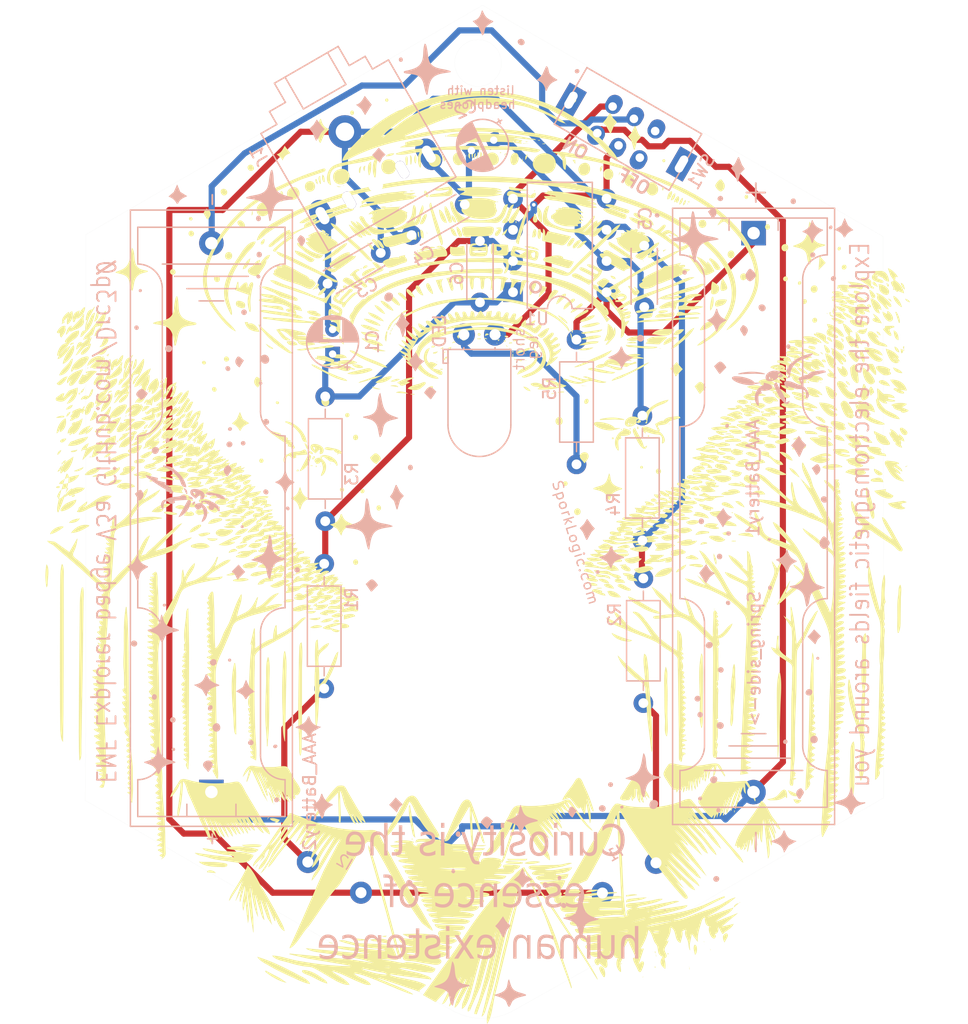
<source format=kicad_pcb>
(kicad_pcb (version 20240108) (generator "pcbnew") (generator_version "8.0")
  (layers (0 "F.Cu" signal) (31 "B.Cu" signal) (34 "B.Paste" user) (35 "F.Paste" user) (36 "B.SilkS" user "B.Silkscreen") (37 "F.SilkS" user "F.Silkscreen") (38 "B.Mask" user) (39 "F.Mask" user) (44 "Edge.Cuts" user))
  (net 0 "")
  (net 1 "+VDC")
  (net 2 "-VDC")
  (net 3 "Net-(C1-Pad2)")
  (net 4 "Net-(C2-Pad2)")
  (net 5 "GND")
  (net 6 "Net-(U1A--)")
  (net 7 "Net-(U1B--)")
  (net 10 "Net-(I1-Pad2)")
  (net 11 "Net-(I2-Pad2)")
  (net 12 "Net-(C1-Pad1)")
  (net 13 "Net-(C2-Pad1)")
  (net 14 "Net-(AAA_Battery1--)")
  (net 15 "Net-(AAA_Battery2--)")
  (net 18 "Net-(D1-A)")
  (footprint "MountingHole:Tooling Hole LCSC" (layer "F.Cu") (at 192.86 134.34)
    (property "Reference" "REF**" (hide yes))
    (property "Value" "Tooling hole 1.152mm")
  )
  (footprint "MountingHole:Tooling Hole LCSC" (layer "F.Cu") (at 131.285 134.215)
    (property "Reference" "REF**" (hide yes))
    (property "Value" "Tooling hole 1.152mm")
  )
  (footprint "Connector_Audio:Jack_3.5mm_CUI_SJ1-3525N_Horizontal" (layer "B.Cu") (at 150.740127 80.29 30)
    (property "Reference" "J1")
    (property "Value" "AudioJack2_Ground_Switch")
  )
  (footprint "Resistor_THT:R_Axial_DIN0207_L6.3mm_D2.5mm_P10.16mm_Horizontal" (layer "B.Cu") (at 174.975 113.57 90)
    (property "Reference" "R4")
    (property "Value" "100K")
  )
  (footprint "Button_Switch_THT:DPDT slide switch" (layer "B.Cu") (at 170.616604 80.580544 -30)
    (property "Reference" "SW1")
    (property "Value" "SW_DPDT_x2")
  )
  (footprint "Resistor_THT:R_Axial_DIN0207_L6.3mm_D2.5mm_P10.16mm_Horizontal" (layer "B.Cu") (at 169.60596 107.380047 90)
    (property "Reference" "R5")
    (property "Value" "100")
  )
  (footprint "Battery:BatteryHolder_Keystone_2466_1xAAA" (layer "B.Cu") (at 184.035 89.315 -90)
    (property "Reference" "AAA_Battery1")
    (property "Value" "Spring_side->")
  )
  (footprint "LED_THT:LED_D5.0mm_Horizontal_O1.27mm_Z9.0mm" (layer "B.Cu") (at 162.967187 96.809411 180)
    (property "Reference" "D1" (hide yes))
    (property "Value" "LED")
  )
  (footprint "Capacitor_THT:C_Disc_D4.3mm_W1.9mm_P5.00mm" (layer "B.Cu") (at 156.169937 88.71 30)
    (property "Reference" "C4")
    (property "Value" "1uF")
  )
  (footprint "Capacitor_THT:C_Disc_D4.3mm_W1.9mm_P5.00mm" (layer "B.Cu") (at 175.125036 89.565067 -90)
    (property "Reference" "C5")
    (property "Value" "10pF")
  )
  (footprint "Package_DIP:DIP-8_W7.62mm" (layer "B.Cu") (at 164.434452 93.356797)
    (property "Reference" "U1")
    (property "Value" "MCP6002" (hide yes))
  )
  (footprint "Inductor_THT:Inductor_D5.0mm_Horizontal_O3.81mm_Z9.0mm" (layer "B.Cu") (at 149.96 141.065 150)
    (property "Reference" "I2")
    (property "Value" "10mH")
  )
  (footprint "Capacitor_THT:C_Disc_D4.3mm_W1.9mm_P5.00mm" (layer "B.Cu") (at 161.74128 89.187682 -90)
    (property "Reference" "C6")
    (property "Value" "10pF")
  )
  (footprint "Resistor_THT:R_Axial_DIN0207_L6.3mm_D2.5mm_P10.16mm_Horizontal" (layer "B.Cu") (at 175.053918 126.828176 90)
    (property "Reference" "R2")
    (property "Value" "100")
  )
  (footprint "Capacitor_THT:CP_Radial_D4.0mm_P2.00mm" (layer "B.Cu") (at 149.73324 98.396541 90)
    (property "Reference" "C1")
    (property "Value" "4.7u")
  )
  (footprint "Capacitor_THT:C_Disc_D4.3mm_W1.9mm_P5.00mm" (layer "B.Cu") (at 153.654836 90.155181 -150)
    (property "Reference" "C3")
    (property "Value" "1uF")
  )
  (footprint "Inductor_THT:Inductor_D5.0mm_Horizontal_O3.81mm_Z9.0mm" (layer "B.Cu") (at 173.994312 140.961588 -150)
    (property "Reference" "I1")
    (property "Value" "10mH")
  )
  (footprint "Resistor_THT:R_Axial_DIN0207_L6.3mm_D2.5mm_P10.16mm_Horizontal" (layer "B.Cu") (at 149.135 112.01 90)
    (property "Reference" "R3")
    (property "Value" "100K")
  )
  (footprint "Battery:BatteryHolder_Keystone_2466_1xAAA" (layer "B.Cu") (at 139.859999 134.065 90)
    (property "Reference" "AAA_Battery2")
    (property "Value" "<-Spring_side")
  )
  (footprint "Resistor_THT:R_Axial_DIN0207_L6.3mm_D2.5mm_P10.16mm_Horizontal" (layer "B.Cu") (at 149.048751 125.637354 90)
    (property "Reference" "R1")
    (property "Value" "100")
  )
  (footprint "Capacitor_THT:CP_Radial_D4.0mm_P2.00mm" (layer "B.Cu") (at 162.860931 80.971115 -155)
    (property "Reference" "C2")
    (property "Value" "4.7u")
  )
  (gr_poly (pts (xy 183.734424 99.836199) (xy 183.601254 99.84305) (xy 183.467864 99.854161) (xy 183.334174 99.869493) (xy 183.200104 99.889008) (xy 183.06557 99.912671) (xy 182.930489 99.940443) (xy 182.794782 99.972287) (xy 182.794782 100.040706) (xy 184.151298 99.994354) (xy 184.936693 100.040706) (xy 184.936693 99.972287) (xy 184.801792 99.939141) (xy 184.667412 99.910588) (xy 184.533469 99.886592) (xy 184.399884 99.867114) (xy 184.266572 99.852116) (xy 184.133452 99.841563) (xy 184.000442 99.835417) (xy 183.86746 99.833641)) (fill solid) (layer "B.SilkS"))
  (gr_poly (pts (xy 171.320237 115.992389) (xy 171.305361 115.995234) (xy 171.290757 115.999458) (xy 171.276511 116.004972) (xy 171.262705 116.011681) (xy 171.249426 116.019498) (xy 171.236754 116.028333) (xy 171.224773 116.038095) (xy 171.213567 116.048692) (xy 171.203221 116.060036) (xy 171.193816 116.072036) (xy 171.185438 116.084601) (xy 171.178169 116.097641) (xy 171.172094 116.111067) (xy 171.167296 116.124787) (xy 171.163858 116.138711) (xy 171.161863 116.152749) (xy 171.161395 116.16681) (xy 171.16254 116.180806) (xy 171.165378 116.194644) (xy 171.169995 116.208233) (xy 171.176473 116.221485) (xy 171.184897 116.23431) (xy 171.19535 116.246616) (xy 171.207915 116.258314) (xy 171.222675 116.269313) (xy 171.239412 116.279415) (xy 171.256128 116.287435) (xy 171.272762 116.293466) (xy 171.289245 116.297599) (xy 171.305513 116.299928) (xy 171.321503 116.300544) (xy 171.337146 116.299541) (xy 171.352377 116.297011) (xy 171.367134 116.293047) (xy 171.381349 116.287738) (xy 171.394958 116.281182) (xy 171.407894 116.273469) (xy 171.420095 116.264689) (xy 171.431492 116.254939) (xy 171.442021 116.244309) (xy 171.451618 116.232891) (xy 171.460217 116.220779) (xy 171.467752 116.208065) (xy 171.474158 116.194842) (xy 171.47937 116.181202) (xy 171.483323 116.167235) (xy 171.485952 116.153039) (xy 171.48719 116.138701) (xy 171.486974 116.124317) (xy 171.485237 116.109978) (xy 171.481914 116.095778) (xy 171.47694 116.081807) (xy 171.470249 116.06816) (xy 171.461778 116.054928) (xy 171.451459 116.042204) (xy 171.439229 116.03008) (xy 171.425022 116.01865) (xy 171.410567 116.009318) (xy 171.395803 116.001997) (xy 171.380811 115.996596) (xy 171.365675 115.993024) (xy 171.350479 115.991194) (xy 171.335304 115.991011)) (fill solid) (layer "B.SilkS"))
  (gr_poly (pts (xy 135.518935 130.368843) (xy 135.507812 130.388908) (xy 135.488322 130.430258) (xy 135.472081 130.473061) (xy 135.458582 130.517114) (xy 135.447314 130.562211) (xy 135.437771 130.608149) (xy 135.42182 130.701723) (xy 135.406658 130.796197) (xy 135.398103 130.843259) (xy 135.388219 130.889931) (xy 135.376498 130.936008) (xy 135.36243 130.981288) (xy 135.345508 131.025561) (xy 135.325222 131.068625) (xy 135.307615 131.100303) (xy 135.288748 131.130552) (xy 135.268674 131.159422) (xy 135.247442 131.186963) (xy 135.225102 131.213219) (xy 135.201707 131.238245) (xy 135.151951 131.284793) (xy 135.098574 131.326998) (xy 135.041986 131.365254) (xy 134.98259 131.399951) (xy 134.920788 131.431482) (xy 134.856989 131.46024) (xy 134.791595 131.486614) (xy 134.725012 131.510998) (xy 134.657645 131.533786) (xy 134.388428 131.616796) (xy 134.388428 131.68529) (xy 134.61893 131.759399) (xy 134.7385 131.799799) (xy 134.798121 131.821564) (xy 134.85716 131.844652) (xy 134.915259 131.869268) (xy 134.972064 131.895622) (xy 135.02722 131.923923) (xy 135.080369 131.954378) (xy 135.131159 131.987194) (xy 135.179233 132.022582) (xy 135.224235 132.060748) (xy 135.245475 132.080939) (xy 135.265811 132.101902) (xy 135.273754 132.111348) (xy 135.281636 132.122396) (xy 135.297251 132.148814) (xy 135.312736 132.18019) (xy 135.328169 132.215556) (xy 135.359197 132.294393) (xy 135.39096 132.377591) (xy 135.407315 132.418411) (xy 135.424089 132.45742) (xy 135.441363 132.493653) (xy 135.459214 132.526143) (xy 135.46838 132.540683) (xy 135.47772 132.553924) (xy 135.487243 132.565746) (xy 135.496962 132.57603) (xy 135.506882 132.584651) (xy 135.517015 132.591491) (xy 135.527372 132.59643) (xy 135.53796 132.599345) (xy 135.547654 132.599783) (xy 135.557393 132.597854) (xy 135.567171 132.593699) (xy 135.576974 132.587457) (xy 135.586796 132.579267) (xy 135.596626 132.569271) (xy 135.616275 132.544417) (xy 135.635842 132.514016) (xy 135.655252 132.479186) (xy 135.674429 132.441049) (xy 135.693294 132.400723) (xy 135.764134 132.239944) (xy 135.780306 132.205479) (xy 135.795709 132.175547) (xy 135.810269 132.151267) (xy 135.823906 132.133759) (xy 135.878085 132.081735) (xy 135.935758 132.034957) (xy 135.99659 131.992987) (xy 136.060249 131.955386) (xy 136.126402 131.921716) (xy 136.194713 131.891537) (xy 136.26485 131.864411) (xy 136.336481 131.839902) (xy 136.40927 131.817567) (xy 136.482883 131.796968) (xy 136.631254 131.759228) (xy 136.778923 131.723172) (xy 136.923225 131.68529) (xy 136.923225 131.616796) (xy 136.856366 131.583495) (xy 136.787575 131.554469) (xy 136.717248 131.52887) (xy 136.645777 131.50586) (xy 136.356363 131.422837) (xy 136.2851 131.400123) (xy 136.215064 131.374942) (xy 136.146647 131.34645) (xy 136.080246 131.313805) (xy 136.047925 131.295662) (xy 136.016254 131.276164) (xy 135.985286 131.255207) (xy 135.955068 131.232684) (xy 135.92565 131.208491) (xy 135.897081 131.182523) (xy 135.86941 131.154674) (xy 135.842688 131.12484) (xy 135.813307 131.08695) (xy 135.786253 131.045757) (xy 135.761309 131.001665) (xy 135.738262 130.955081) (xy 135.716893 130.90641) (xy 135.69699 130.856057) (xy 135.678335 130.804426) (xy 135.660714 130.751926) (xy 135.596246 130.541322) (xy 135.564605 130.441337) (xy 135.548179 130.394091) (xy 135.53106 130.349218)) (fill solid) (layer "B.SilkS"))
  (gr_poly (pts (xy 188.958952 129.48583) (xy 188.92421 129.490802) (xy 188.886753 129.499783) (xy 188.852331 129.511548) (xy 188.820897 129.525881) (xy 188.792403 129.542564) (xy 188.766802 129.561386) (xy 188.744049 129.582127) (xy 188.724096 129.604575) (xy 188.706895 129.628513) (xy 188.692399 129.653727) (xy 188.680563 129.679999) (xy 188.671337 129.707115) (xy 188.664678 129.734861) (xy 188.660536 129.76302) (xy 188.658866 129.791377) (xy 188.659618 129.819715) (xy 188.662748 129.847823) (xy 188.668209 129.875479) (xy 188.675953 129.902474) (xy 188.685933 129.928589) (xy 188.698102 129.953609) (xy 188.712413 129.977319) (xy 188.72882 129.999504) (xy 188.747275 130.019949) (xy 188.767732 130.038436) (xy 188.790143 130.054752) (xy 188.814462 130.068681) (xy 188.840641 130.080008) (xy 188.868635 130.088517) (xy 188.898395 130.093992) (xy 188.929874 130.096219) (xy 188.963026 130.094982) (xy 188.997805 130.090065) (xy 189.034148 130.081372) (xy 189.067599 130.069856) (xy 189.098196 130.055733) (xy 189.125981 130.039222) (xy 189.150991 130.020541) (xy 189.173269 129.999904) (xy 189.192854 129.977534) (xy 189.209785 129.953645) (xy 189.224103 129.928457) (xy 189.235848 129.902185) (xy 189.24506 129.875049) (xy 189.251779 129.847265) (xy 189.256045 129.819052) (xy 189.257897 129.790625) (xy 189.257377 129.762205) (xy 189.254523 129.734008) (xy 189.249377 129.706252) (xy 189.241976 129.679155) (xy 189.232364 129.652933) (xy 189.220578 129.627805) (xy 189.206659 129.603988) (xy 189.190647 129.581701) (xy 189.172582 129.56116) (xy 189.152504 129.542583) (xy 189.130452 129.526189) (xy 189.106468 129.512194) (xy 189.080591 129.500816) (xy 189.052861 129.492273) (xy 189.023317 129.486782) (xy 188.992001 129.484562)) (fill solid) (layer "B.SilkS"))
  (gr_poly (pts (xy 147.715133 127.963477) (xy 147.698819 128.011542) (xy 147.681497 128.057094) (xy 147.663166 128.100242) (xy 147.64382 128.141091) (xy 147.623461 128.179753) (xy 147.602084 128.216331) (xy 147.579688 128.250935) (xy 147.55627 128.283673) (xy 147.531829 128.314653) (xy 147.506363 128.343981) (xy 147.479869 128.371766) (xy 147.423788 128.423138) (xy 147.363569 128.469628) (xy 147.299196 128.5121) (xy 147.230649 128.551416) (xy 147.157914 128.588435) (xy 147.080971 128.624023) (xy 146.914395 128.694344) (xy 146.730779 128.769273) (xy 146.730779 128.8378) (xy 146.829758 128.8617) (xy 146.925046 128.88678) (xy 147.016452 128.913633) (xy 147.103791 128.942854) (xy 147.186873 128.975035) (xy 147.265512 129.010772) (xy 147.303106 129.030158) (xy 147.339518 129.050657) (xy 147.374726 129.072341) (xy 147.408704 129.095283) (xy 147.44143 129.11956) (xy 147.472882 129.145245) (xy 147.503034 129.172412) (xy 147.531863 129.201138) (xy 147.559346 129.231491) (xy 147.585459 129.263552) (xy 147.610179 129.297391) (xy 147.633483 129.333083) (xy 147.655346 129.370703) (xy 147.675746 129.410325) (xy 147.694658 129.452022) (xy 147.71206 129.495871) (xy 147.727927 129.541942) (xy 147.742238 129.590314) (xy 147.754965 129.641057) (xy 147.766089 129.694248) (xy 147.801734 129.694248) (xy 148.132908 129.141997) (xy 148.801015 128.769273) (xy 148.696865 128.745914) (xy 148.600474 128.720853) (xy 148.511435 128.693592) (xy 148.429339 128.663635) (xy 148.353778 128.630483) (xy 148.318321 128.612553) (xy 148.284346 128.593639) (xy 148.251801 128.573678) (xy 148.220634 128.552608) (xy 148.190796 128.530365) (xy 148.162235 128.50689) (xy 148.134899 128.482118) (xy 148.10874 128.455989) (xy 148.083705 128.42844) (xy 148.059744 128.399408) (xy 148.036805 128.368832) (xy 148.014837 128.33665) (xy 147.993789 128.302798) (xy 147.973612 128.267216) (xy 147.954254 128.229841) (xy 147.935662 128.190611) (xy 147.900578 128.106336) (xy 147.867954 128.013896) (xy 147.837382 127.912791) (xy 147.73044 127.912791)) (fill solid) (layer "B.SilkS"))
  (gr_poly (pts (xy 142.486604 94.762874) (xy 142.465995 94.766828) (xy 142.446112 94.772788) (xy 142.427038 94.780627) (xy 142.408857 94.790211) (xy 142.391653 94.80141) (xy 142.375508 94.814094) (xy 142.360507 94.828133) (xy 142.346735 94.843393) (xy 142.334275 94.859748) (xy 142.323208 94.877063) (xy 142.313621 94.895209) (xy 142.305598 94.914056) (xy 142.29922 94.933472) (xy 142.294572 94.953327) (xy 142.291739 94.973489) (xy 142.290801 94.993829) (xy 142.291848 95.014216) (xy 142.294958 95.034518) (xy 142.300217 95.054604) (xy 142.307709 95.074346) (xy 142.317517 95.093612) (xy 142.329725 95.112269) (xy 142.344416 95.130189) (xy 142.361675 95.147239) (xy 142.381586 95.163291) (xy 142.404231 95.178211) (xy 142.429933 95.191965) (xy 142.455168 95.2025) (xy 142.47986 95.209967) (xy 142.503934 95.214524) (xy 142.527317 95.216323) (xy 142.549932 95.215522) (xy 142.571701 95.212273) (xy 142.592553 95.206734) (xy 142.612408 95.199056) (xy 142.631194 95.189397) (xy 142.648833 95.177909) (xy 142.665252 95.16475) (xy 142.680372 95.150072) (xy 142.694122 95.13403) (xy 142.706421 95.11678) (xy 142.717198 95.098477) (xy 142.726376 95.079274) (xy 142.733879 95.059328) (xy 142.739632 95.038792) (xy 142.74356 95.017822) (xy 142.745585 94.996573) (xy 142.745635 94.975198) (xy 142.743632 94.953854) (xy 142.739502 94.932693) (xy 142.733168 94.911873) (xy 142.724556 94.891546) (xy 142.713589 94.871869) (xy 142.700193 94.852995) (xy 142.68429 94.835081) (xy 142.665808 94.81828) (xy 142.644669 94.802747) (xy 142.620799 94.788636) (xy 142.597597 94.777798) (xy 142.574617 94.769752) (xy 142.551944 94.764368) (xy 142.529662 94.761514) (xy 142.507853 94.76106)) (fill solid) (layer "B.SilkS"))
  (gr_poly (pts (xy 187.831267 133.771541) (xy 187.801746 133.786175) (xy 187.773428 133.801487) (xy 187.746346 133.81746) (xy 187.720531 133.83408) (xy 187.696016 133.851331) (xy 187.672833 133.869199) (xy 187.651015 133.887666) (xy 187.630596 133.906723) (xy 187.611607 133.92635) (xy 187.594081 133.946536) (xy 187.578051 133.967264) (xy 187.563548 133.98852) (xy 187.550607 134.010286) (xy 187.53926 134.032553) (xy 187.529538 134.055301) (xy 187.521473 134.078518) (xy 187.515101 134.102187) (xy 187.510452 134.126295) (xy 187.50756 134.150827) (xy 187.506456 134.175768) (xy 187.507174 134.201102) (xy 187.509746 134.226815) (xy 187.514204 134.252893) (xy 187.520582 134.27932) (xy 187.528911 134.306081) (xy 187.539225 134.333162) (xy 187.551557 134.360547) (xy 187.565936 134.388223) (xy 187.582399 134.416173) (xy 187.600976 134.444383) (xy 187.608571 134.455923) (xy 187.616255 134.46856) (xy 187.632074 134.496267) (xy 187.648818 134.525775) (xy 187.657654 134.540665) (xy 187.666866 134.555355) (xy 187.676501 134.56963) (xy 187.686604 134.583276) (xy 187.697226 134.596073) (xy 187.702747 134.602087) (xy 187.708415 134.607808) (xy 187.714235 134.613209) (xy 187.720215 134.618263) (xy 187.72636 134.622943) (xy 187.732678 134.627223) (xy 187.739172 134.631073) (xy 187.74585 134.634469) (xy 187.752716 134.637383) (xy 187.759779 134.639788) (xy 187.76928 134.642062) (xy 187.778497 134.643144) (xy 187.787436 134.643098) (xy 187.796105 134.641984) (xy 187.804511 134.639865) (xy 187.81266 134.636803) (xy 187.820558 134.632861) (xy 187.828215 134.628099) (xy 187.835634 134.622581) (xy 187.842825 134.616368) (xy 187.849793 134.609525) (xy 187.856545 134.602111) (xy 187.869432 134.585822) (xy 187.881536 134.567998) (xy 187.956837 134.429852) (xy 188.001208 134.366652) (xy 188.038593 134.311196) (xy 188.069111 134.262405) (xy 188.08183 134.240172) (xy 188.092876 134.219202) (xy 188.102264 134.199359) (xy 188.110007 134.18051) (xy 188.11612 134.162518) (xy 188.120619 134.145249) (xy 188.123517 134.128571) (xy 188.124828 134.112344) (xy 188.124567 134.096438) (xy 188.12275 134.080717) (xy 188.119391 134.065046) (xy 188.114503 134.04929) (xy 188.108102 134.033313) (xy 188.100202 134.016983) (xy 188.090817 134.000163) (xy 188.079963 133.98272) (xy 188.053904 133.945425) (xy 188.02214 133.904019) (xy 187.984787 133.857424) (xy 187.893783 133.744356)) (fill solid) (layer "B.SilkS"))
  (gr_poly (pts (xy 155.936687 141.228751) (xy 155.913073 141.232949) (xy 155.890644 141.239499) (xy 155.869456 141.248238) (xy 155.84956 141.259006) (xy 155.831012 141.27164) (xy 155.813865 141.285978) (xy 155.798174 141.301858) (xy 155.783989 141.319118) (xy 155.771368 141.337596) (xy 155.760361 141.357129) (xy 155.751026 141.377556) (xy 155.743413 141.398716) (xy 155.737578 141.420445) (xy 155.733573 141.442581) (xy 155.731454 141.464964) (xy 155.731272 141.48743) (xy 155.733083 141.509818) (xy 155.736939 141.531964) (xy 155.742896 141.55371) (xy 155.751005 141.57489) (xy 155.761321 141.595344) (xy 155.773899 141.614908) (xy 155.788791 141.633423) (xy 155.806049 141.650724) (xy 155.825732 141.666651) (xy 155.84789 141.681041) (xy 155.872578 141.693733) (xy 155.90173 141.705405) (xy 155.930234 141.713745) (xy 155.958007 141.71892) (xy 155.984966 141.721099) (xy 156.011026 141.720448) (xy 156.036105 141.717139) (xy 156.060119 141.711338) (xy 156.082985 141.703214) (xy 156.104621 141.692934) (xy 156.124941 141.680669) (xy 156.143862 141.666584) (xy 156.161303 141.650848) (xy 156.177179 141.633631) (xy 156.191407 141.6151) (xy 156.203904 141.595425) (xy 156.214584 141.574771) (xy 156.223368 141.553309) (xy 156.230171 141.531205) (xy 156.234908 141.50863) (xy 156.237496 141.48575) (xy 156.237854 141.462735) (xy 156.235896 141.439751) (xy 156.231541 141.416969) (xy 156.224704 141.394555) (xy 156.215301 141.372678) (xy 156.203252 141.351508) (xy 156.18847 141.33121) (xy 156.170873 141.311955) (xy 156.150378 141.293909) (xy 156.126901 141.277243) (xy 156.100359 141.262123) (xy 156.070669 141.248718) (xy 156.041931 141.238724) (xy 156.01411 141.231892) (xy 155.98726 141.228061) (xy 155.961434 141.227068)) (fill solid) (layer "B.SilkS"))
  (gr_poly (pts (xy 136.797653 85.188244) (xy 136.356585 85.569363) (xy 136.415 85.59) (xy 136.471258 85.61249) (xy 136.525363 85.63689) (xy 136.577321 85.66325) (xy 136.627135 85.691622) (xy 136.67481 85.722061) (xy 136.720348 85.754619) (xy 136.763757 85.789348) (xy 136.805037 85.826301) (xy 136.844196 85.865534) (xy 136.881236 85.907094) (xy 136.916162 85.951038) (xy 136.948977 85.997418) (xy 136.979686 86.046286) (xy 137.008296 86.097695) (xy 137.034806 86.151699) (xy 137.1419 86.151699) (xy 137.154096 86.118702) (xy 137.167233 86.087134) (xy 137.181291 86.056941) (xy 137.196246 86.028068) (xy 137.212076 86.000461) (xy 137.228763 85.974064) (xy 137.24628 85.948825) (xy 137.26461 85.924689) (xy 137.283729 85.901602) (xy 137.303616 85.879509) (xy 137.324248 85.858357) (xy 137.345606 85.838089) (xy 137.367667 85.818654) (xy 137.390408 85.799995) (xy 137.437848 85.764792) (xy 137.487752 85.732048) (xy 137.539948 85.701325) (xy 137.594261 85.672191) (xy 137.650519 85.644212) (xy 137.768176 85.589979) (xy 137.891532 85.535152) (xy 137.319797 85.179784) (xy 137.070494 84.576109)) (fill solid) (layer "B.SilkS"))
  (gr_poly (pts (xy 133.740304 114.908938) (xy 133.716948 114.98661) (xy 133.69228 115.060488) (xy 133.665777 115.130592) (xy 133.636909 115.196939) (xy 133.605155 115.259545) (xy 133.588029 115.289452) (xy 133.569986 115.31843) (xy 133.550956 115.346483) (xy 133.530876 115.373612) (xy 133.509681 115.399819) (xy 133.487304 115.425107) (xy 133.463678 115.449478) (xy 133.43874 115.472935) (xy 133.412423 115.495478) (xy 133.384661 115.517112) (xy 133.355388 115.537836) (xy 133.324539 115.557656) (xy 133.292049 115.576571) (xy 133.25785 115.594585) (xy 133.22188 115.6117) (xy 133.18407 115.627918) (xy 133.144355 115.643241) (xy 133.102671 115.657671) (xy 133.058949 115.671211) (xy 133.013127 115.683863) (xy 133.467343 116.132669) (xy 133.798521 116.848912) (xy 133.817534 116.840695) (xy 133.83509 116.831129) (xy 133.851269 116.820283) (xy 133.866141 116.808227) (xy 133.879784 116.795035) (xy 133.892272 116.780775) (xy 133.903679 116.765518) (xy 133.914081 116.749333) (xy 133.923553 116.732294) (xy 133.93217 116.71447) (xy 133.947136 116.676748) (xy 133.959579 116.636732) (xy 133.970097 116.594989) (xy 134.004911 116.42202) (xy 134.014795 116.380105) (xy 134.026348 116.339849) (xy 134.040171 116.301817) (xy 134.048122 116.283812) (xy 134.056863 116.266574) (xy 134.083212 116.222027) (xy 134.112246 116.179641) (xy 134.143773 116.139305) (xy 134.177593 116.100915) (xy 134.213511 116.06436) (xy 134.251332 116.029535) (xy 134.290855 115.996332) (xy 134.331887 115.964641) (xy 134.37423 115.934355) (xy 134.41769 115.905367) (xy 134.462066 115.877569) (xy 134.507166 115.850853) (xy 134.598745 115.800238) (xy 134.690853 115.752657) (xy 134.690853 115.683863) (xy 134.600661 115.650581) (xy 134.517501 115.616419) (xy 134.440915 115.580985) (xy 134.37044 115.543892) (xy 134.305619 115.50475) (xy 134.245991 115.463167) (xy 134.191096 115.418755) (xy 134.140475 115.371126) (xy 134.093669 115.319886) (xy 134.050214 115.26465) (xy 134.009654 115.205027) (xy 133.971529 115.140625) (xy 133.935377 115.071058) (xy 133.90074 114.995934) (xy 133.867158 114.914863) (xy 133.83417 114.827457) (xy 133.762873 114.827457)) (fill solid) (layer "B.SilkS"))
  (gr_poly (pts (xy 186.457086 137.261513) (xy 186.44079 137.309577) (xy 186.423486 137.355127) (xy 186.405169 137.398272) (xy 186.38584 137.439121) (xy 186.365494 137.477779) (xy 186.344133 137.514356) (xy 186.32175 137.548961) (xy 186.298347 137.581698) (xy 186.273918 137.612677) (xy 186.248462 137.642005) (xy 186.221978 137.669789) (xy 186.165915 137.721161) (xy 186.105711 137.76765) (xy 186.041348 137.810123) (xy 185.972809 137.849438) (xy 185.900074 137.886458) (xy 185.823128 137.922042) (xy 185.656529 137.992357) (xy 185.472871 138.067275) (xy 185.472871 138.135807) (xy 185.571849 138.159707) (xy 185.667139 138.184787) (xy 185.758549 138.211641) (xy 185.845894 138.240864) (xy 185.928981 138.273048) (xy 186.007624 138.308786) (xy 186.04522 138.328175) (xy 186.081634 138.348674) (xy 186.116843 138.37036) (xy 186.150821 138.393304) (xy 186.183548 138.417583) (xy 186.214997 138.44327) (xy 186.245147 138.470439) (xy 186.273973 138.499164) (xy 186.301452 138.529521) (xy 186.327562 138.561582) (xy 186.352276 138.595421) (xy 186.375571 138.631115) (xy 186.397426 138.668736) (xy 186.417815 138.708358) (xy 186.436716 138.750057) (xy 186.454104 138.793906) (xy 186.469957 138.839978) (xy 186.484249 138.888349) (xy 186.49696 138.939094) (xy 186.508063 138.992284) (xy 186.543746 138.992284) (xy 186.875 138.44) (xy 187.543253 138.067275) (xy 187.439102 138.043918) (xy 187.342706 138.018859) (xy 187.253655 137.9916) (xy 187.171545 137.961645) (xy 187.095969 137.928496) (xy 187.060504 137.910569) (xy 187.026518 137.891656) (xy 186.993964 137.871697) (xy 186.962788 137.850628) (xy 186.932942 137.828388) (xy 186.904371 137.804914) (xy 186.877027 137.780144) (xy 186.850859 137.754016) (xy 186.825817 137.726469) (xy 186.801848 137.697439) (xy 186.778902 137.666864) (xy 186.756927 137.634684) (xy 186.735875 137.600833) (xy 186.715693 137.565253) (xy 186.69633 137.527878) (xy 186.677737 137.48865) (xy 186.642652 137.404377) (xy 186.610034 137.311936) (xy 186.579471 137.21083) (xy 186.472377 137.21083)) (fill solid) (layer "B.SilkS"))
  (gr_poly (pts (xy 181.925557 118.484057) (xy 181.908442 118.48628) (xy 181.892183 118.490271) (xy 181.876824 118.495913) (xy 181.862409 118.50309) (xy 181.84898 118.511684) (xy 181.83658 118.521577) (xy 181.825252 118.532652) (xy 181.81504 118.544794) (xy 181.805986 118.557885) (xy 181.798133 118.571808) (xy 181.791524 118.586446) (xy 181.786203 118.601681) (xy 181.782211 118.617396) (xy 181.779592 118.633475) (xy 181.77839 118.649802) (xy 181.778648 118.666257) (xy 181.780405 118.682725) (xy 181.78371 118.699089) (xy 181.788601 118.715232) (xy 181.795124 118.731035) (xy 181.803321 118.746383) (xy 181.813235 118.761159) (xy 181.824909 118.775245) (xy 181.838385 118.788525) (xy 181.853708 118.80088) (xy 181.870919 118.812195) (xy 181.890063 118.822353) (xy 181.91083 118.831092) (xy 181.930968 118.837416) (xy 181.950431 118.841446) (xy 181.969174 118.843301) (xy 181.987154 118.843103) (xy 182.004327 118.840974) (xy 182.020648 118.837033) (xy 182.036073 118.831402) (xy 182.050558 118.824201) (xy 182.064059 118.815552) (xy 182.076529 118.805576) (xy 182.087928 118.794394) (xy 182.09821 118.782124) (xy 182.10733 118.768891) (xy 182.115245 118.754815) (xy 182.12191 118.740014) (xy 182.127282 118.724612) (xy 182.131314 118.70873) (xy 182.133964 118.692486) (xy 182.135188 118.676003) (xy 182.134941 118.659402) (xy 182.133178 118.642803) (xy 182.129857 118.626328) (xy 182.124932 118.610098) (xy 182.118358 118.594232) (xy 182.110094 118.578852) (xy 182.100092 118.56408) (xy 182.088311 118.550035) (xy 182.074704 118.53684) (xy 182.059229 118.524615) (xy 182.041841 118.51348) (xy 182.022495 118.503556) (xy 182.001737 118.495184) (xy 181.98162 118.489166) (xy 181.962191 118.485382) (xy 181.943488 118.483719)) (fill solid) (layer "B.SilkS"))
  (gr_poly (pts (xy 145.171285 134.504222) (xy 145.151616 134.507073) (xy 145.132681 134.511914) (xy 145.11454 134.518612) (xy 145.097254 134.52703) (xy 145.080881 134.537034) (xy 145.065486 134.54849) (xy 145.051127 134.561261) (xy 145.037865 134.575213) (xy 145.025761 134.590211) (xy 145.014874 134.606119) (xy 145.005265 134.622804) (xy 144.996997 134.64013) (xy 144.990129 134.657962) (xy 144.98472 134.676163) (xy 144.980833 134.694602) (xy 144.978528 134.71314) (xy 144.977866 134.731645) (xy 144.978905 134.749982) (xy 144.981707 134.768012) (xy 144.986334 134.785606) (xy 144.992847 134.802624) (xy 145.001303 134.818934) (xy 145.011765 134.834399) (xy 145.024294 134.848884) (xy 145.03895 134.862256) (xy 145.055794 134.874379) (xy 145.074885 134.885117) (xy 145.096286 134.894336) (xy 145.117722 134.901026) (xy 145.138752 134.905129) (xy 145.15931 134.906784) (xy 145.179331 134.906131) (xy 145.198747 134.903308) (xy 145.217496 134.898454) (xy 145.235511 134.891711) (xy 145.252728 134.883215) (xy 145.269078 134.873105) (xy 145.284498 134.861522) (xy 145.298925 134.848605) (xy 145.31229 134.834492) (xy 145.324528 134.819322) (xy 145.335574 134.803235) (xy 145.345364 134.786371) (xy 145.353831 134.768868) (xy 145.360911 134.750864) (xy 145.366537 134.7325) (xy 145.370644 134.713914) (xy 145.373167 134.695245) (xy 145.374041 134.676633) (xy 145.373201 134.658216) (xy 145.370579 134.640134) (xy 145.366113 134.622527) (xy 145.359733 134.605534) (xy 145.351379 134.589292) (xy 145.340983 134.573941) (xy 145.328479 134.55962) (xy 145.313803 134.54647) (xy 145.296888 134.534629) (xy 145.27767 134.524235) (xy 145.256083 134.515426) (xy 145.234086 134.508965) (xy 145.21258 134.505033) (xy 145.191627 134.503496)) (fill solid) (layer "B.SilkS"))
  (gr_poly (pts (xy 133.740664 96.062028) (xy 133.720708 96.065268) (xy 133.698332 96.0712) (xy 133.678035 96.078834) (xy 133.659775 96.088032) (xy 133.643504 96.098657) (xy 133.629183 96.110572) (xy 133.616764 96.12364) (xy 133.606206 96.137726) (xy 133.597466 96.15269) (xy 133.590498 96.168396) (xy 133.58526 96.184707) (xy 133.581707 96.201486) (xy 133.579797 96.218595) (xy 133.579485 96.2359) (xy 133.580728 96.25326) (xy 133.583482 96.27054) (xy 133.587704 96.287602) (xy 133.59335 96.304309) (xy 133.600375 96.320526) (xy 133.608737 96.336113) (xy 133.618393 96.350934) (xy 133.629298 96.364853) (xy 133.641409 96.377731) (xy 133.65468 96.389432) (xy 133.669072 96.39982) (xy 133.684537 96.408756) (xy 133.701032 96.416105) (xy 133.718516 96.421727) (xy 133.736944 96.425487) (xy 133.756271 96.427247) (xy 133.776456 96.426872) (xy 133.797452 96.424222) (xy 133.819217 96.419162) (xy 133.838772 96.412512) (xy 133.856495 96.404372) (xy 133.872423 96.39486) (xy 133.886595 96.384098) (xy 133.899047 96.372206) (xy 133.909815 96.359306) (xy 133.918938 96.345518) (xy 133.926453 96.330963) (xy 133.932395 96.315761) (xy 133.936802 96.300033) (xy 133.939713 96.283899) (xy 133.941164 96.267481) (xy 133.941191 96.2509) (xy 133.939832 96.234277) (xy 133.937126 96.217729) (xy 133.933107 96.201381) (xy 133.927813 96.18535) (xy 133.921283 96.169761) (xy 133.913551 96.154732) (xy 133.904657 96.140383) (xy 133.894636 96.126837) (xy 133.883527 96.114213) (xy 133.871366 96.102632) (xy 133.858189 96.092215) (xy 133.844036 96.083084) (xy 133.828941 96.075356) (xy 133.812945 96.069156) (xy 133.796081 96.064602) (xy 133.778388 96.061816) (xy 133.759904 96.060917)) (fill solid) (layer "B.SilkS"))
  (gr_poly (pts (xy 134.059772 93.094343) (xy 134.047354 93.095961) (xy 134.03534 93.098815) (xy 134.02378 93.102824) (xy 134.012722 93.107913) (xy 134.002219 93.114) (xy 133.992317 93.121009) (xy 133.983068 93.128862) (xy 133.974522 93.137479) (xy 133.966727 93.146785) (xy 133.959733 93.156697) (xy 133.953591 93.16714) (xy 133.94835 93.178035) (xy 133.944059 93.189303) (xy 133.940769 93.200869) (xy 133.938528 93.21265) (xy 133.937388 93.224571) (xy 133.937396 93.23655) (xy 133.938604 93.248514) (xy 133.941061 93.260381) (xy 133.944816 93.272075) (xy 133.949919 93.283515) (xy 133.95642 93.294625) (xy 133.964368 93.305326) (xy 133.973814 93.315539) (xy 133.984807 93.325187) (xy 133.997396 93.334191) (xy 134.011167 93.342193) (xy 134.024849 93.34839) (xy 134.03839 93.352865) (xy 134.051738 93.355704) (xy 134.064845 93.356992) (xy 134.077658 93.356812) (xy 134.090125 93.355251) (xy 134.102197 93.352392) (xy 134.11382 93.348322) (xy 134.124946 93.343123) (xy 134.135521 93.336882) (xy 134.145496 93.329681) (xy 134.154817 93.321607) (xy 134.163436 93.312746) (xy 134.1713 93.303179) (xy 134.178359 93.292993) (xy 134.18456 93.282273) (xy 134.189855 93.271103) (xy 134.19419 93.259568) (xy 134.197515 93.247753) (xy 134.199777 93.235741) (xy 134.200929 93.22362) (xy 134.200914 93.211471) (xy 134.199686 93.199381) (xy 134.197192 93.187436) (xy 134.193381 93.175717) (xy 134.188199 93.164312) (xy 134.1816 93.153304) (xy 134.173529 93.14278) (xy 134.163937 93.132821) (xy 134.152772 93.123514) (xy 134.139981 93.114944) (xy 134.126183 93.107511) (xy 134.11249 93.101782) (xy 134.098953 93.097678) (xy 134.085622 93.095123) (xy 134.072544 93.094038)) (fill solid) (layer "B.SilkS"))
  (gr_poly (pts (xy 185.879324 100.702218) (xy 185.859722 100.713213) (xy 185.841488 100.724457) (xy 185.824594 100.735956) (xy 185.809011 100.747709) (xy 185.794712 100.759722) (xy 185.781668 100.771996) (xy 185.769852 100.784533) (xy 185.759236 100.797336) (xy 185.74979 100.810408) (xy 185.741487 100.823752) (xy 185.734301 100.837369) (xy 185.728199 100.851264) (xy 185.723159 100.865436) (xy 185.719148 100.87989) (xy 185.716141 100.894629) (xy 185.714108 100.909655) (xy 185.713021 100.924968) (xy 185.712854 100.940575) (xy 185.713577 100.956475) (xy 185.715162 100.972674) (xy 185.717582 100.989171) (xy 185.720808 101.005969) (xy 185.724812 101.023074) (xy 185.729566 101.040484) (xy 185.735042 101.058205) (xy 185.748049 101.094585) (xy 185.763607 101.132235) (xy 185.781491 101.171175) (xy 185.934972 101.490938) (xy 186.02353 101.66567) (xy 186.070823 101.753781) (xy 186.120146 101.841257) (xy 186.171518 101.927249) (xy 186.224955 102.01091) (xy 186.280473 102.091392) (xy 186.338091 102.167847) (xy 186.397824 102.239426) (xy 186.45969 102.305282) (xy 186.523705 102.364564) (xy 186.589885 102.416426) (xy 186.608746 102.428993) (xy 186.6273 102.439762) (xy 186.645536 102.448786) (xy 186.663436 102.456122) (xy 186.680987 102.461825) (xy 186.698176 102.465947) (xy 186.714988 102.468545) (xy 186.731408 102.469676) (xy 186.747424 102.469392) (xy 186.763018 102.467749) (xy 186.77818 102.464801) (xy 186.792894 102.460606) (xy 186.807145 102.455215) (xy 186.820921 102.448686) (xy 186.834207 102.441072) (xy 186.846987 102.432429) (xy 186.859248 102.422812) (xy 186.870977 102.412275) (xy 186.882158 102.400873) (xy 186.892778 102.388664) (xy 186.902823 102.375698) (xy 186.912278 102.362034) (xy 186.921129 102.347725) (xy 186.929362 102.332827) (xy 186.936962 102.317394) (xy 186.943917 102.301481) (xy 186.950211 102.285144) (xy 186.955829 102.268437) (xy 186.960759 102.251416) (xy 186.964986 102.234134) (xy 186.968497 102.216648) (xy 186.971275 102.199013) (xy 186.685712 102.335859) (xy 186.678014 102.283775) (xy 186.667943 102.231614) (xy 186.641196 102.127112) (xy 186.606498 102.022451) (xy 186.564881 101.917728) (xy 186.517374 101.813038) (xy 186.465004 101.70848) (xy 186.4088 101.604151) (xy 186.349794 101.500147) (xy 186.106318 101.089327) (xy 186.048732 100.988406) (xy 185.994518 100.888391) (xy 185.944704 100.789381) (xy 185.900321 100.691474)) (fill solid) (layer "B.SilkS"))
  (gr_poly (pts (xy 144.563102 113.187042) (xy 144.539066 113.29073) (xy 144.496909 113.507329) (xy 144.456388 113.730853) (xy 144.410013 113.95485) (xy 144.382285 114.065012) (xy 144.350283 114.172873) (xy 144.313067 114.277628) (xy 144.269702 114.378471) (xy 144.21925 114.474593) (xy 144.191076 114.520634) (xy 144.160777 114.565191) (xy 144.128238 114.608167) (xy 144.093342 114.649459) (xy 144.055972 114.688966) (xy 144.016009 114.726587) (xy 143.970277 114.76458) (xy 143.921889 114.799955) (xy 143.871132 114.832938) (xy 143.818294 114.863754) (xy 143.763663 114.892626) (xy 143.707528 114.919781) (xy 143.650176 114.945442) (xy 143.591897 114.969834) (xy 143.126817 115.146212) (xy 143.126817 115.180476) (xy 143.198766 115.205281) (xy 143.272539 115.227159) (xy 143.423654 115.265254) (xy 143.576349 115.300992) (xy 143.652098 115.319922) (xy 143.726814 115.340601) (xy 143.800019 115.363804) (xy 143.871238 115.390313) (xy 143.939994 115.420905) (xy 144.00581 115.456358) (xy 144.037467 115.476151) (xy 144.068211 115.497452) (xy 144.097982 115.520356) (xy 144.12672 115.544964) (xy 144.154366 115.571372) (xy 144.180861 115.599676) (xy 144.206145 115.629974) (xy 144.230157 115.662364) (xy 144.248554 115.690782) (xy 144.265209 115.720758) (xy 144.280259 115.752168) (xy 144.293838 115.784886) (xy 144.317125 115.853748) (xy 144.336152 115.926344) (xy 144.352002 116.001673) (xy 144.365756 116.078734) (xy 144.391305 116.234052) (xy 144.405263 116.310307) (xy 144.421452 116.384292) (xy 144.440957 116.455006) (xy 144.464855 116.521451) (xy 144.478791 116.552759) (xy 144.494232 116.582624) (xy 144.511312 116.610921) (xy 144.530168 116.637525) (xy 144.550933 116.66231) (xy 144.573744 116.685152) (xy 144.598737 116.705927) (xy 144.626044 116.724507) (xy 144.656559 116.630853) (xy 144.68169 116.536269) (xy 144.702799 116.441184) (xy 144.721256 116.346023) (xy 144.755671 116.157186) (xy 144.774361 116.064362) (xy 144.79586 115.973171) (xy 144.821535 115.884039) (xy 144.85275 115.797392) (xy 144.890872 115.713659) (xy 144.912951 115.673019) (xy 144.937268 115.633267) (xy 144.963994 115.594456) (xy 144.9933 115.556641) (xy 145.025359 115.519874) (xy 145.060338 115.484209) (xy 145.098411 115.449698) (xy 145.139745 115.416396) (xy 145.184515 115.384356) (xy 145.232888 115.353632) (xy 145.274082 115.330558) (xy 145.316953 115.309428) (xy 145.361303 115.290054) (xy 145.406933 115.272246) (xy 145.453648 115.255814) (xy 145.501249 115.240572) (xy 145.598318 115.212896) (xy 145.794394 115.163495) (xy 145.89024 115.138747) (xy 145.982518 115.111952) (xy 145.982518 115.043062) (xy 145.883416 115.020574) (xy 145.782118 115.000768) (xy 145.679874 114.98135) (xy 145.577936 114.960029) (xy 145.527472 114.947937) (xy 145.477555 114.93451) (xy 145.42834 114.919461) (xy 145.379983 114.902503) (xy 145.332642 114.883349) (xy 145.286473 114.861713) (xy 145.241632 114.83731) (xy 145.198276 114.809851) (xy 145.144142 114.769875) (xy 145.095452 114.727614) (xy 145.051886 114.683206) (xy 145.013129 114.636792) (xy 144.978861 114.588511) (xy 144.948766 114.538501) (xy 144.922526 114.486903) (xy 144.899823 114.433853) (xy 144.880339 114.379494) (xy 144.863757 114.323962) (xy 144.83803 114.209941) (xy 144.820098 114.092903) (xy 144.807424 113.973962) (xy 144.78768 113.734821) (xy 144.77553 113.616849) (xy 144.758472 113.501427) (xy 144.733967 113.389669) (xy 144.718128 113.33551) (xy 144.699473 113.282686) (xy 144.677686 113.231334) (xy 144.652451 113.181594) (xy 144.623446 113.133605) (xy 144.590358 113.087505)) (fill solid) (layer "B.SilkS"))
  (gr_poly (pts (xy 140.002639 123.245215) (xy 139.973272 123.249978) (xy 139.94307 123.257926) (xy 139.912119 123.269227) (xy 139.88378 123.282646) (xy 139.858236 123.297984) (xy 139.835431 123.315059) (xy 139.815311 123.333687) (xy 139.797818 123.353685) (xy 139.782899 123.374869) (xy 139.770499 123.397057) (xy 139.760561 123.420064) (xy 139.753029 123.443708) (xy 139.747849 123.467805) (xy 139.744967 123.492172) (xy 139.744325 123.516626) (xy 139.745869 123.540984) (xy 139.749542 123.565061) (xy 139.75529 123.588676) (xy 139.763058 123.611644) (xy 139.77279 123.633782) (xy 139.78443 123.654907) (xy 139.797925 123.674836) (xy 139.813217 123.693386) (xy 139.830252 123.710372) (xy 139.848973 123.725612) (xy 139.869327 123.738922) (xy 139.891257 123.75012) (xy 139.914707 123.759021) (xy 139.939625 123.765444) (xy 139.965952 123.769202) (xy 139.993635 123.770116) (xy 140.022616 123.768) (xy 140.052841 123.762673) (xy 140.084256 123.753947) (xy 140.116804 123.741644) (xy 140.147886 123.726722) (xy 140.175717 123.710137) (xy 140.20038 123.69206) (xy 140.221956 123.672656) (xy 140.240532 123.652093) (xy 140.25619 123.630537) (xy 140.269012 123.608156) (xy 140.279083 123.585117) (xy 140.286486 123.561586) (xy 140.291304 123.53773) (xy 140.293621 123.513719) (xy 140.29352 123.489718) (xy 140.291084 123.465894) (xy 140.286397 123.442415) (xy 140.279541 123.419447) (xy 140.270603 123.397159) (xy 140.259663 123.375715) (xy 140.246804 123.355286) (xy 140.232112 123.336035) (xy 140.215668 123.318133) (xy 140.197557 123.301746) (xy 140.177862 123.287039) (xy 140.156665 123.274181) (xy 140.134051 123.26334) (xy 140.110104 123.25468) (xy 140.084904 123.24837) (xy 140.058539 123.24458) (xy 140.03109 123.243472)) (fill solid) (layer "B.SilkS"))
  (gr_poly (pts (xy 164.928402 140.852639) (xy 164.487334 141.233935) (xy 164.545749 141.254568) (xy 164.602007 141.277059) (xy 164.656112 141.301461) (xy 164.70807 141.327826) (xy 164.757884 141.356206) (xy 164.805558 141.386654) (xy 164.851097 141.419222) (xy 164.894505 141.453961) (xy 164.935785 141.490925) (xy 164.974944 141.530166) (xy 165.011984 141.571736) (xy 165.04691 141.615687) (xy 165.079726 141.662072) (xy 165.110435 141.710944) (xy 165.139044 141.762353) (xy 165.165554 141.816353) (xy 165.272649 141.816353) (xy 165.284848 141.78333) (xy 165.29799 141.751737) (xy 165.31205 141.721522) (xy 165.327007 141.692629) (xy 165.342841 141.665004) (xy 165.359528 141.638593) (xy 165.377048 141.613341) (xy 165.395379 141.589194) (xy 165.4145 141.566097) (xy 165.434388 141.543997) (xy 165.455022 141.522837) (xy 165.47638 141.502566) (xy 165.498441 141.483126) (xy 165.521183 141.464466) (xy 165.568623 141.429262) (xy 165.618526 141.396521) (xy 165.670721 141.365804) (xy 165.725033 141.336679) (xy 165.781287 141.308709) (xy 165.898936 141.254499) (xy 166.02228 141.199688) (xy 165.450542 140.844436) (xy 165.201279 140.24043)) (fill solid) (layer "B.SilkS"))
  (gr_poly (pts (xy 145.063077 130.201651) (xy 145.045755 130.203696) (xy 145.028958 130.207274) (xy 145.012763 130.212283) (xy 144.99724 130.218619) (xy 144.982464 130.226176) (xy 144.968508 130.234853) (xy 144.955441 130.244544) (xy 144.943342 130.255147) (xy 144.93228 130.266555) (xy 144.92233 130.278668) (xy 144.913563 130.29138) (xy 144.906054 130.304589) (xy 144.899874 130.318189) (xy 144.895099 130.332077) (xy 144.891799 130.34615) (xy 144.89005 130.360303) (xy 144.889922 130.374433) (xy 144.89149 130.388436) (xy 144.894825 130.402207) (xy 144.900004 130.415644) (xy 144.907095 130.428643) (xy 144.916174 130.441099) (xy 144.927314 130.452909) (xy 144.940587 130.463968) (xy 144.956067 130.474175) (xy 144.973827 130.483423) (xy 144.993939 130.491611) (xy 145.010371 130.496575) (xy 145.026768 130.499789) (xy 145.043054 130.501338) (xy 145.059164 130.501313) (xy 145.075024 130.499799) (xy 145.090569 130.496886) (xy 145.105726 130.492661) (xy 145.120428 130.487212) (xy 145.134602 130.480629) (xy 145.14818 130.472996) (xy 145.161093 130.464405) (xy 145.173269 130.454942) (xy 145.184642 130.444695) (xy 145.195139 130.433751) (xy 145.20469 130.422199) (xy 145.213229 130.410129) (xy 145.220684 130.397626) (xy 145.226984 130.38478) (xy 145.232062 130.371676) (xy 145.235847 130.358405) (xy 145.238269 130.345055) (xy 145.239258 130.331711) (xy 145.238746 130.318463) (xy 145.236662 130.305401) (xy 145.232936 130.292608) (xy 145.227499 130.280177) (xy 145.220281 130.268193) (xy 145.211213 130.256744) (xy 145.200224 130.24592) (xy 145.187246 130.235806) (xy 145.172208 130.226493) (xy 145.15504 130.218067) (xy 145.136178 130.210886) (xy 145.117477 130.205758) (xy 145.099012 130.202577) (xy 145.080854 130.201244)) (fill solid) (layer "B.SilkS"))
  (gr_poly (pts (xy 184.865395 100.897114) (xy 184.802866 100.924558) (xy 184.742351 100.955719) (xy 184.683964 100.990398) (xy 184.627824 101.028403) (xy 184.574042 101.069532) (xy 184.522738 101.113593) (xy 184.474025 101.160387) (xy 184.428019 101.20972) (xy 184.384837 101.261393) (xy 184.344593 101.315212) (xy 184.307404 101.370979) (xy 184.273385 101.428499) (xy 184.242652 101.487575) (xy 184.21532 101.54801) (xy 184.191506 101.609609) (xy 184.171324 101.672175) (xy 184.154891 101.735511) (xy 184.142322 101.79942) (xy 184.133733 101.863709) (xy 184.129238 101.928179) (xy 184.128955 101.992634) (xy 184.132999 102.056879) (xy 184.141486 102.120715) (xy 184.154531 102.183947) (xy 184.172249 102.246379) (xy 184.194757 102.307814) (xy 184.222169 102.368056) (xy 184.254603 102.42691) (xy 184.292173 102.484179) (xy 184.334996 102.539664) (xy 184.383186 102.593172) (xy 184.43686 102.644505) (xy 184.446605 102.591365) (xy 184.45237 102.537299) (xy 184.454737 102.482448) (xy 184.454288 102.426955) (xy 184.451607 102.370961) (xy 184.447276 102.31461) (xy 184.435997 102.201403) (xy 184.425114 102.088472) (xy 184.421276 102.032466) (xy 184.419287 101.976956) (xy 184.419728 101.922083) (xy 184.423181 101.867991) (xy 184.43023 101.814821) (xy 184.441459 101.762717) (xy 184.448084 101.741688) (xy 184.456077 101.723234) (xy 184.465291 101.707155) (xy 184.475585 101.693251) (xy 184.486812 101.681323) (xy 184.498829 101.671171) (xy 184.511492 101.662596) (xy 184.524655 101.655397) (xy 184.538174 101.649377) (xy 184.551907 101.644334) (xy 184.579429 101.636382) (xy 184.630669 101.623433) (xy 184.641843 101.619647) (xy 184.652075 101.615242) (xy 184.66122 101.610018) (xy 184.669134 101.603776) (xy 184.67567 101.596318) (xy 184.680687 101.587441) (xy 184.684039 101.576947) (xy 184.685583 101.564638) (xy 184.685172 101.550312) (xy 184.682666 101.53377) (xy 184.677916 101.514815) (xy 184.670779 101.493243) (xy 184.661111 101.468859) (xy 184.648769 101.441459) (xy 184.633607 101.410845) (xy 184.61548 101.37682) (xy 184.857957 101.376434) (xy 184.933902 101.374132) (xy 185.012403 101.369699) (xy 185.091676 101.362511) (xy 185.169932 101.351941) (xy 185.245384 101.337368) (xy 185.316248 101.318164) (xy 185.3494 101.30663) (xy 185.380734 101.293706) (xy 185.410029 101.279312) (xy 185.43706 101.26337) (xy 185.461603 101.245803) (xy 185.483435 101.226531) (xy 185.502333 101.205478) (xy 185.518074 101.182564) (xy 185.530434 101.157713) (xy 185.53919 101.130846) (xy 185.544119 101.101884) (xy 185.544998 101.070749) (xy 185.542758 101.051019) (xy 185.537791 101.032028) (xy 185.530247 101.013762) (xy 185.520277 100.996203) (xy 185.50803 100.979336) (xy 185.493656 100.963142) (xy 185.477306 100.947609) (xy 185.459131 100.932718) (xy 185.43928 100.918452) (xy 185.417901 100.904798) (xy 185.395148 100.891735) (xy 185.371168 100.879251) (xy 185.320133 100.855949) (xy 185.265998 100.83476) (xy 185.209962 100.815553) (xy 185.153227 100.798201) (xy 185.096994 100.78257) (xy 185.042464 100.768531) (xy 184.865395 100.725685)) (fill solid) (layer "B.SilkS"))
  (gr_poly (pts (xy 179.603761 116.2257) (xy 180.139202 117.082467) (xy 180.460065 116.570392) (xy 180.888792 116.2257) (xy 180.852467 116.216438) (xy 180.817553 116.205926) (xy 180.784001 116.194203) (xy 180.751758 116.181307) (xy 180.720778 116.167281) (xy 180.691005 116.152161) (xy 180.662391 116.135991) (xy 180.634883 116.118808) (xy 180.608433 116.100654) (xy 180.58299 116.081567) (xy 180.534914 116.040756) (xy 180.490253 115.996695) (xy 180.4486 115.949702) (xy 180.409548 115.900096) (xy 180.372691 115.848197) (xy 180.337623 115.794324) (xy 180.303937 115.738796) (xy 180.239085 115.624048) (xy 180.174887 115.506507)) (fill solid) (layer "B.SilkS"))
  (gr_poly (pts (xy 180.417195 121.842513) (xy 180.391488 121.846134) (xy 180.366502 121.852225) (xy 180.34233 121.860624) (xy 180.319068 121.871168) (xy 180.296813 121.883691) (xy 180.275658 121.898032) (xy 180.255699 121.914025) (xy 180.237033 121.931507) (xy 180.219754 121.950315) (xy 180.203957 121.970287) (xy 180.189738 121.991256) (xy 180.177192 122.013061) (xy 180.166414 122.035535) (xy 180.157499 122.058519) (xy 180.150544 122.081846) (xy 180.145642 122.105353) (xy 180.142891 122.128876) (xy 180.142384 122.152254) (xy 180.144218 122.175319) (xy 180.148488 122.197912) (xy 180.155288 122.219865) (xy 180.164714 122.241019) (xy 180.176861 122.261206) (xy 180.191827 122.280264) (xy 180.209704 122.29803) (xy 180.230587 122.31434) (xy 180.254575 122.32903) (xy 180.28176 122.341937) (xy 180.312911 122.353103) (xy 180.343677 122.360739) (xy 180.373944 122.36503) (xy 180.403596 122.366155) (xy 180.432525 122.364301) (xy 180.460614 122.359649) (xy 180.487751 122.352382) (xy 180.513822 122.342683) (xy 180.538713 122.330736) (xy 180.562313 122.316722) (xy 180.584508 122.300826) (xy 180.605183 122.28323) (xy 180.624228 122.264115) (xy 180.641526 122.243669) (xy 180.656965 122.222069) (xy 180.670433 122.199502) (xy 180.681816 122.176149) (xy 180.691 122.152194) (xy 180.697873 122.12782) (xy 180.702321 122.103209) (xy 180.70423 122.078544) (xy 180.703489 122.054008) (xy 180.699982 122.029785) (xy 180.693598 122.006058) (xy 180.684221 121.983009) (xy 180.67174 121.96082) (xy 180.656041 121.939676) (xy 180.637011 121.919759) (xy 180.614537 121.901252) (xy 180.588505 121.884337) (xy 180.558802 121.869198) (xy 180.525314 121.856019) (xy 180.497682 121.848118) (xy 180.470388 121.843341) (xy 180.443527 121.841528)) (fill solid) (layer "B.SilkS"))
  (gr_poly (pts (xy 141.165374 99.376795) (xy 141.143868 99.380716) (xy 141.121873 99.387166) (xy 141.100285 99.395973) (xy 141.081066 99.406368) (xy 141.064151 99.418211) (xy 141.049475 99.431362) (xy 141.03697 99.445684) (xy 141.026573 99.461036) (xy 141.018219 99.47728) (xy 141.011841 99.494275) (xy 141.007374 99.511885) (xy 141.004752 99.529968) (xy 141.003912 99.548387) (xy 141.004785 99.567001) (xy 141.007309 99.585672) (xy 141.011417 99.604259) (xy 141.017043 99.622626) (xy 141.024122 99.640631) (xy 141.032589 99.658136) (xy 141.04238 99.675002) (xy 141.053426 99.69109) (xy 141.065665 99.70626) (xy 141.07903 99.720373) (xy 141.093454 99.73329) (xy 141.108876 99.744873) (xy 141.125227 99.754981) (xy 141.142442 99.763476) (xy 141.160458 99.770218) (xy 141.179206 99.775069) (xy 141.198625 99.777889) (xy 141.218645 99.778538) (xy 141.239202 99.776879) (xy 141.260233 99.772771) (xy 141.28167 99.766076) (xy 141.303069 99.756857) (xy 141.322161 99.746118) (xy 141.339004 99.733997) (xy 141.35366 99.720628) (xy 141.366188 99.706146) (xy 141.37665 99.690684) (xy 141.385107 99.674377) (xy 141.391619 99.657363) (xy 141.396245 99.639775) (xy 141.399049 99.621747) (xy 141.400088 99.603416) (xy 141.399425 99.584915) (xy 141.39712 99.566381) (xy 141.393232 99.547947) (xy 141.387825 99.529748) (xy 141.380957 99.51192) (xy 141.372687 99.494598) (xy 141.36308 99.477916) (xy 141.352193 99.462009) (xy 141.340088 99.447013) (xy 141.326827 99.433061) (xy 141.312468 99.42029) (xy 141.297072 99.408835) (xy 141.280701 99.398829) (xy 141.263415 99.390407) (xy 141.245274 99.383705) (xy 141.226338 99.378858) (xy 141.206669 99.376001) (xy 141.186328 99.375269)) (fill solid) (layer "B.SilkS"))
  (gr_poly (pts (xy 138.00158 110.012173) (xy 138.006673 110.027356) (xy 138.012287 110.041791) (xy 138.018407 110.055501) (xy 138.025027 110.068507) (xy 138.032133 110.080833) (xy 138.039716 110.0925) (xy 138.047766 110.103532) (xy 138.056272 110.11395) (xy 138.065224 110.123778) (xy 138.074612 110.133038) (xy 138.084424 110.14175) (xy 138.094652 110.149942) (xy 138.105285 110.157632) (xy 138.11631 110.164843) (xy 138.12772 110.1716) (xy 138.139502 110.177923) (xy 138.151649 110.183834) (xy 138.164146 110.189358) (xy 138.176986 110.194516) (xy 138.203652 110.203823) (xy 138.231563 110.211939) (xy 138.260635 110.219041) (xy 138.290784 110.22531) (xy 138.321928 110.230925) (xy 138.353986 110.236068) (xy 138.350942 110.217505) (xy 138.347305 110.199936) (xy 138.343082 110.183334) (xy 138.33828 110.167672) (xy 138.332907 110.152922) (xy 138.326968 110.139054) (xy 138.320472 110.126041) (xy 138.313424 110.113855) (xy 138.305833 110.102468) (xy 138.297704 110.091851) (xy 138.289045 110.081977) (xy 138.279863 110.072817) (xy 138.270164 110.064342) (xy 138.259957 110.056526) (xy 138.249246 110.049339) (xy 138.23804 110.042753) (xy 138.226345 110.036741) (xy 138.214169 110.031275) (xy 138.201517 110.026325) (xy 138.188399 110.021863) (xy 138.17482 110.017864) (xy 138.160786 110.014296) (xy 138.131385 110.008347) (xy 138.100251 110.003789) (xy 138.067441 110.000398) (xy 138.03301 109.99795) (xy 137.997014 109.996218)) (fill solid) (layer "B.SilkS"))
  (gr_poly (pts (xy 188.547437 125.683235) (xy 188.521731 125.686855) (xy 188.496745 125.692946) (xy 188.472574 125.701345) (xy 188.449314 125.711889) (xy 188.42706 125.724413) (xy 188.405907 125.738752) (xy 188.385951 125.754745) (xy 188.367286 125.772228) (xy 188.350009 125.791037) (xy 188.334212 125.811007) (xy 188.319996 125.831977) (xy 188.307451 125.853782) (xy 188.296675 125.876256) (xy 188.287762 125.899239) (xy 188.28081 125.922567) (xy 188.275909 125.946073) (xy 188.27316 125.969597) (xy 188.272655 125.992975) (xy 188.27449 126.01604) (xy 188.278761 126.038633) (xy 188.285563 126.060586) (xy 188.29499 126.08174) (xy 188.307139 126.101927) (xy 188.322105 126.120984) (xy 188.339982 126.13875) (xy 188.360867 126.15506) (xy 188.384855 126.169749) (xy 188.41204 126.182656) (xy 188.443188 126.193821) (xy 188.473951 126.201458) (xy 188.504214 126.205748) (xy 188.533866 126.206875) (xy 188.562791 126.205021) (xy 188.59088 126.200369) (xy 188.618014 126.193102) (xy 188.644084 126.183403) (xy 188.668976 126.171456) (xy 188.692574 126.157442) (xy 188.714769 126.141547) (xy 188.735444 126.12395) (xy 188.754487 126.104836) (xy 188.771786 126.084389) (xy 188.787225 126.06279) (xy 188.800694 126.040223) (xy 188.812076 126.01687) (xy 188.821261 125.992914) (xy 188.828134 125.96854) (xy 188.832581 125.943929) (xy 188.83449 125.919265) (xy 188.833747 125.89473) (xy 188.830239 125.870507) (xy 188.823855 125.846779) (xy 188.814477 125.82373) (xy 188.801995 125.801541) (xy 188.786295 125.780397) (xy 188.767263 125.760481) (xy 188.744786 125.741974) (xy 188.718752 125.725059) (xy 188.689045 125.709921) (xy 188.655555 125.696741) (xy 188.627922 125.68884) (xy 188.600627 125.684064) (xy 188.573768 125.682249)) (fill solid) (layer "B.SilkS"))
  (gr_poly (pts (xy 155.940884 98.963199) (xy 156.476323 99.819599) (xy 156.797188 99.307526) (xy 157.225952 98.963199) (xy 157.189624 98.953905) (xy 157.154706 98.943365) (xy 157.121151 98.931616) (xy 157.088907 98.9187) (xy 157.057922 98.904655) (xy 157.028147 98.889522) (xy 156.999531 98.87334) (xy 156.972021 98.856146) (xy 156.945568 98.837986) (xy 156.920122 98.818892) (xy 156.872044 98.778074) (xy 156.827381 98.734011) (xy 156.785726 98.687019) (xy 156.746672 98.637413) (xy 156.709814 98.585512) (xy 156.674745 98.531632) (xy 156.641058 98.476089) (xy 156.576206 98.361288) (xy 156.512009 98.24364)) (fill solid) (layer "B.SilkS"))
  (gr_poly (pts (xy 185.683834 99.750799) (xy 185.623436 99.756952) (xy 185.563695 99.766691) (xy 185.505 99.78) (xy 185.447739 99.796861) (xy 185.392299 99.817255) (xy 185.339067 99.841167) (xy 185.288431 99.868578) (xy 185.240779 99.899471) (xy 185.196499 99.93383) (xy 185.155977 99.971636) (xy 185.119602 100.012871) (xy 185.08776 100.05752) (xy 185.06084 100.105563) (xy 185.03923 100.156985) (xy 185.023315 100.211766) (xy 185.014014 100.264465) (xy 185.010888 100.312945) (xy 185.013586 100.357295) (xy 185.021754 100.397605) (xy 185.035042 100.433963) (xy 185.053097 100.466459) (xy 185.075569 100.495181) (xy 185.102102 100.520217) (xy 185.13235 100.541657) (xy 185.165957 100.55959) (xy 185.20257 100.574104) (xy 185.241843 100.585286) (xy 185.283419 100.593228) (xy 185.326948 100.598017) (xy 185.372077 100.599742) (xy 185.418457 100.598493) (xy 185.465732 100.594357) (xy 185.513553 100.587423) (xy 185.561569 100.577782) (xy 185.609425 100.565521) (xy 185.656772 100.550728) (xy 185.703256 100.533492) (xy 185.748528 100.513905) (xy 185.792234 100.49205) (xy 185.803046 100.485833) (xy 185.614754 100.485833) (xy 185.472168 100.485833) (xy 185.436133 100.485833) (xy 185.415211 100.477405) (xy 185.396237 100.469001) (xy 185.379135 100.460491) (xy 185.363832 100.451743) (xy 185.356833 100.447238) (xy 185.350254 100.442626) (xy 185.34409 100.437888) (xy 185.338328 100.43301) (xy 185.33296 100.427973) (xy 185.327977 100.422762) (xy 185.323371 100.417362) (xy 185.319129 100.411754) (xy 185.315246 100.405924) (xy 185.31171 100.399854) (xy 185.308512 100.393529) (xy 185.305645 100.38693) (xy 185.303097 100.380043) (xy 185.30086 100.372852) (xy 185.298923 100.365339) (xy 185.29728 100.357489) (xy 185.29592 100.349284) (xy 185.294834 100.340709) (xy 185.293444 100.322382) (xy 185.293039 100.302377) (xy 185.293543 100.280562) (xy 185.36484 100.280562) (xy 185.436133 100.485833) (xy 185.472168 100.485833) (xy 185.57911 100.348984) (xy 185.614754 100.485833) (xy 185.803046 100.485833) (xy 185.834022 100.468021) (xy 185.87354 100.441905) (xy 185.910438 100.413789) (xy 185.944363 100.383765) (xy 185.974962 100.35192) (xy 186.001885 100.318342) (xy 186.024779 100.283122) (xy 186.043293 100.246346) (xy 186.185879 100.314777) (xy 186.435798 100.211766) (xy 186.423504 100.154291) (xy 186.40528 100.100697) (xy 186.381513 100.050967) (xy 186.352592 100.005085) (xy 186.326315 99.972287) (xy 186.25756 99.972287) (xy 186.043293 100.211766) (xy 186.04098 100.195848) (xy 186.039216 100.180641) (xy 186.038002 100.166127) (xy 186.037345 100.152289) (xy 186.037246 100.139111) (xy 186.03771 100.126577) (xy 186.038738 100.114669) (xy 186.040335 100.103373) (xy 186.042503 100.09267) (xy 186.045246 100.082544) (xy 186.048568 100.072979) (xy 186.052471 100.063958) (xy 186.056957 100.055465) (xy 186.062032 100.047481) (xy 186.067698 100.039994) (xy 186.073958 100.032984) (xy 186.080815 100.026434) (xy 186.088272 100.020331) (xy 186.096334 100.014654) (xy 186.105004 100.00939) (xy 186.114283 100.00452) (xy 186.124175 100.00003) (xy 186.134685 99.9959) (xy 186.145814 99.992116) (xy 186.157567 99.988661) (xy 186.169946 99.985518) (xy 186.196598 99.980102) (xy 186.225794 99.975736) (xy 186.25756 99.972287) (xy 186.326315 99.972287) (xy 186.318902 99.963032) (xy 186.280832 99.924793) (xy 186.238771 99.890347) (xy 186.193104 99.85968) (xy 186.144219 99.832773) (xy 186.092506 99.809608) (xy 186.03835 99.79017) (xy 185.982141 99.774439) (xy 185.924264 99.762399) (xy 185.865107 99.754033) (xy 185.805057 99.749321) (xy 185.744504 99.74825)) (fill solid) (layer "B.SilkS"))
  (gr_poly (pts (xy 179.039823 86.790955) (xy 179.02063 86.845072) (xy 179.004122 86.899977) (xy 178.990063 86.955598) (xy 178.968317 87.068701) (xy 178.953467 87.183801) (xy 178.943582 87.300318) (xy 178.936737 87.417675) (xy 178.924454 87.652595) (xy 178.91516 87.768999) (xy 178.901195 87.883926) (xy 178.880632 87.996801) (xy 178.867273 88.052287) (xy 178.851541 88.107043) (xy 178.833198 88.160996) (xy 178.811998 88.214073) (xy 178.787703 88.266202) (xy 178.760074 88.317312) (xy 178.728866 88.367331) (xy 178.693839 88.416183) (xy 178.654754 88.463799) (xy 178.611369 88.510106) (xy 178.564219 88.554062) (xy 178.514403 88.594616) (xy 178.46216 88.631987) (xy 178.407725 88.666394) (xy 178.351334 88.698053) (xy 178.293226 88.727186) (xy 178.233637 88.754009) (xy 178.172803 88.778744) (xy 178.110962 88.801607) (xy 178.048351 88.822818) (xy 177.921767 88.86116) (xy 177.794944 88.895517) (xy 177.66978 88.927643) (xy 177.653413 88.931156) (xy 177.63375 88.934503) (xy 177.586933 88.94142) (xy 177.534134 88.949827) (xy 177.506994 88.95504) (xy 177.48016 88.961162) (xy 177.454233 88.968377) (xy 177.429814 88.976861) (xy 177.418358 88.981636) (xy 177.407504 88.986794) (xy 177.397328 88.992361) (xy 177.387903 88.998357) (xy 177.379307 89.004806) (xy 177.371614 89.011729) (xy 177.364896 89.019148) (xy 177.359233 89.027088) (xy 177.354697 89.035569) (xy 177.351364 89.044614) (xy 177.349311 89.054246) (xy 177.348608 89.064488) (xy 177.349304 89.075121) (xy 177.351341 89.085103) (xy 177.354645 89.094456) (xy 177.359142 89.103201) (xy 177.36476 89.111363) (xy 177.371422 89.118965) (xy 177.379058 89.126026) (xy 177.387591 89.132573) (xy 177.396949 89.138627) (xy 177.407057 89.14421) (xy 177.429228 89.154056) (xy 177.453516 89.162292) (xy 177.479326 89.169102) (xy 177.50607 89.174665) (xy 177.533157 89.179164) (xy 177.585995 89.185696) (xy 177.66978 89.193978) (xy 177.904959 89.224594) (xy 178.031805 89.24407) (xy 178.095937 89.255526) (xy 178.159928 89.268383) (xy 178.22332 89.282835) (xy 178.285656 89.299075) (xy 178.346474 89.317296) (xy 178.405316 89.337691) (xy 178.461724 89.360453) (xy 178.51524 89.385775) (xy 178.565402 89.413848) (xy 178.611753 89.444868) (xy 178.651617 89.476349) (xy 178.688587 89.509946) (xy 178.722814 89.545538) (xy 178.754452 89.583012) (xy 178.783651 89.622247) (xy 178.810564 89.663126) (xy 178.835341 89.705531) (xy 178.858135 89.749345) (xy 178.89838 89.840727) (xy 178.932512 89.936327) (xy 178.961747 90.035206) (xy 178.987297 90.13642) (xy 179.07693 90.545775) (xy 179.102267 90.644527) (xy 179.131202 90.739959) (xy 179.164952 90.831129) (xy 179.204727 90.917093) (xy 179.2761 90.917093) (xy 179.293966 90.83092) (xy 179.310295 90.741163) (xy 179.341027 90.553676) (xy 179.373666 90.360178) (xy 179.392378 90.26291) (xy 179.41358 90.16622) (xy 179.437944 90.070801) (xy 179.466141 89.977348) (xy 179.498841 89.886553) (xy 179.536716 89.799113) (xy 179.580436 89.715716) (xy 179.604699 89.675751) (xy 179.630676 89.637059) (xy 179.658448 89.599725) (xy 179.688102 89.563835) (xy 179.719721 89.529477) (xy 179.75339 89.496738) (xy 179.787929 89.46658) (xy 179.823763 89.438273) (xy 179.899051 89.386898) (xy 179.978717 89.342001) (xy 180.062221 89.302961) (xy 180.149027 89.269164) (xy 180.238597 89.239992) (xy 180.330393 89.21483) (xy 180.423877 89.19306) (xy 180.518512 89.174066) (xy 180.61376 89.157233) (xy 180.803945 89.12758) (xy 180.990132 89.099167) (xy 181.168016 89.067062) (xy 181.168016 88.998637) (xy 181.118091 88.976461) (xy 181.067025 88.956296) (xy 180.961893 88.921242) (xy 180.853452 88.891958) (xy 180.74254 88.866927) (xy 180.290866 88.779017) (xy 180.180115 88.752511) (xy 180.0719 88.72116) (xy 179.967058 88.683448) (xy 179.916162 88.661733) (xy 179.866422 88.637858) (xy 179.817942 88.611637) (xy 179.770827 88.582876) (xy 179.725182 88.551387) (xy 179.681109 88.516982) (xy 179.638715 88.479471) (xy 179.598103 88.438663) (xy 179.559377 88.39437) (xy 179.522641 88.346401) (xy 179.503621 88.318158) (xy 179.485859 88.288457) (xy 179.453873 88.22503) (xy 179.426201 88.156812) (xy 179.40236 88.084495) (xy 179.381869 88.008771) (xy 179.364244 87.93033) (xy 179.349004 87.849864) (xy 179.335665 87.768064) (xy 179.29168 87.441355) (xy 179.268556 87.287973) (xy 179.255023 87.216196) (xy 179.239532 87.148616) (xy 179.232364 87.118146) (xy 179.226297 87.088151) (xy 179.216069 87.029727) (xy 179.206066 86.973623) (xy 179.200277 86.946528) (xy 179.193501 86.920118) (xy 179.185388 86.894428) (xy 179.180722 86.881865) (xy 179.175592 86.869494) (xy 179.169952 86.857321) (xy 179.163762 86.84535) (xy 179.156977 86.833584) (xy 179.149552 86.822029) (xy 179.141445 86.81069) (xy 179.132613 86.79957) (xy 179.123011 86.788673) (xy 179.112598 86.778005) (xy 179.101329 86.767568) (xy 179.089158 86.75737) (xy 179.076045 86.747413) (xy 179.061946 86.737701)) (fill solid) (layer "B.SilkS"))
  (gr_poly (pts (xy 144.298826 103.673773) (xy 144.27434 103.676473) (xy 144.249417 103.682017) (xy 144.224147 103.690556) (xy 144.198622 103.702241) (xy 144.173243 103.717032) (xy 144.150872 103.733293) (xy 144.131424 103.750868) (xy 144.114807 103.769599) (xy 144.100934 103.789334) (xy 144.089715 103.809912) (xy 144.081059 103.831179) (xy 144.074881 103.852978) (xy 144.071091 103.875151) (xy 144.069596 103.897543) (xy 144.070311 103.919996) (xy 144.073145 103.942357) (xy 144.07801 103.964465) (xy 144.084816 103.986166) (xy 144.093476 104.007301) (xy 144.103898 104.027717) (xy 144.115995 104.047255) (xy 144.129677 104.06576) (xy 144.144855 104.083073) (xy 144.16144 104.09904) (xy 144.179343 104.113504) (xy 144.198477 104.126308) (xy 144.21875 104.137295) (xy 144.240073 104.146308) (xy 144.262357 104.153193) (xy 144.285516 104.157791) (xy 144.309457 104.159947) (xy 144.334094 104.159503) (xy 144.359335 104.156303) (xy 144.385094 104.150191) (xy 144.41128 104.14101) (xy 144.437803 104.128604) (xy 144.462478 104.114064) (xy 144.484168 104.098066) (xy 144.502967 104.080766) (xy 144.518962 104.062318) (xy 144.532247 104.042872) (xy 144.542913 104.022584) (xy 144.551049 104.001606) (xy 144.556747 103.980092) (xy 144.560099 103.958198) (xy 144.561195 103.936075) (xy 144.560124 103.913877) (xy 144.556981 103.891757) (xy 144.551854 103.869868) (xy 144.544835 103.848365) (xy 144.536015 103.827402) (xy 144.525484 103.80713) (xy 144.513334 103.787706) (xy 144.499657 103.76928) (xy 144.484541 103.752007) (xy 144.468079 103.736041) (xy 144.450362 103.721536) (xy 144.43148 103.708644) (xy 144.411524 103.697519) (xy 144.390585 103.688315) (xy 144.368756 103.681184) (xy 144.346126 103.67628) (xy 144.322785 103.673759)) (fill solid) (layer "B.SilkS"))
  (gr_poly (pts (xy 152.92049 116.748598) (xy 152.903622 116.751078) (xy 152.888666 116.754982) (xy 152.873568 116.760028) (xy 152.858339 116.766154) (xy 152.842996 116.773294) (xy 152.827555 116.781385) (xy 152.812029 116.790361) (xy 152.780783 116.810715) (xy 152.74938 116.833843) (xy 152.71794 116.859232) (xy 152.686585 116.886369) (xy 152.65543 116.914738) (xy 152.535254 117.03028) (xy 152.506921 117.057114) (xy 152.47951 117.082099) (xy 152.453144 117.104723) (xy 152.427943 117.124473) (xy 152.856478 117.74102) (xy 152.927772 117.74102) (xy 153.427603 117.227471) (xy 153.415065 117.19944) (xy 153.397354 117.166624) (xy 153.375 117.13) (xy 153.348535 117.090543) (xy 153.318489 117.049227) (xy 153.285394 117.007028) (xy 153.249783 116.964923) (xy 153.212185 116.923886) (xy 153.17313 116.884892) (xy 153.133152 116.848916) (xy 153.09278 116.816936) (xy 153.072614 116.802747) (xy 153.052548 116.789923) (xy 153.032649 116.778586) (xy 153.012984 116.768857) (xy 152.99362 116.760857) (xy 152.974622 116.75471) (xy 152.956056 116.750536) (xy 152.937991 116.748459)) (fill solid) (layer "B.SilkS"))
  (gr_poly (pts (xy 135.800573 119.617672) (xy 135.789452 119.637755) (xy 135.769974 119.679132) (xy 135.753751 119.721955) (xy 135.740276 119.766021) (xy 135.729036 119.811125) (xy 135.719525 119.857065) (xy 135.703645 119.950634) (xy 135.688555 120.045101) (xy 135.680033 120.092161) (xy 135.670179 120.138834) (xy 135.658482 120.184918) (xy 135.644434 120.230206) (xy 135.627523 120.274496) (xy 135.607242 120.317586) (xy 135.589635 120.349242) (xy 135.570768 120.379472) (xy 135.550694 120.408324) (xy 135.529462 120.435849) (xy 135.507122 120.462095) (xy 135.483726 120.487111) (xy 135.43397 120.533647) (xy 135.380594 120.57585) (xy 135.324006 120.614108) (xy 135.264608 120.648812) (xy 135.202807 120.680355) (xy 135.139007 120.709124) (xy 135.073613 120.735513) (xy 135.007031 120.759911) (xy 134.939664 120.782709) (xy 134.670448 120.865718) (xy 134.670448 120.934138) (xy 134.900891 121.008311) (xy 135.0204 121.048699) (xy 135.079986 121.07045) (xy 135.138989 121.09352) (xy 135.197052 121.118113) (xy 135.253822 121.144444) (xy 135.308945 121.172718) (xy 135.362067 121.203146) (xy 135.412832 121.235936) (xy 135.460886 121.271297) (xy 135.505877 121.309439) (xy 135.527112 121.329619) (xy 135.547449 121.350573) (xy 135.555426 121.360035) (xy 135.56334 121.3711) (xy 135.579015 121.39755) (xy 135.594551 121.428956) (xy 135.610029 121.464349) (xy 135.641123 121.543237) (xy 135.672932 121.626477) (xy 135.689302 121.667314) (xy 135.706088 121.706337) (xy 135.72337 121.742584) (xy 135.741226 121.775085) (xy 135.750395 121.789628) (xy 135.759735 121.802873) (xy 135.76926 121.814699) (xy 135.778978 121.824983) (xy 135.788898 121.833607) (xy 135.799031 121.840448) (xy 135.809388 121.845387) (xy 135.819977 121.848301) (xy 135.829671 121.848726) (xy 135.83941 121.846786) (xy 135.849187 121.842617) (xy 135.858991 121.836363) (xy 135.868813 121.828161) (xy 135.878644 121.818153) (xy 135.898292 121.793277) (xy 135.91786 121.762856) (xy 135.93727 121.728008) (xy 135.956447 121.689854) (xy 135.975313 121.649516) (xy 136.046153 121.488714) (xy 136.062325 121.454255) (xy 136.077729 121.424332) (xy 136.092288 121.400066) (xy 136.105926 121.382578) (xy 136.160105 121.330578) (xy 136.217777 121.283822) (xy 136.278608 121.24187) (xy 136.342264 121.204284) (xy 136.408411 121.170626) (xy 136.476713 121.140457) (xy 136.546838 121.113338) (xy 136.618453 121.088829) (xy 136.691222 121.066494) (xy 136.76481 121.045892) (xy 136.913113 121.008137) (xy 137.060687 120.972056) (xy 137.204862 120.934138) (xy 137.204862 120.865718) (xy 137.13807 120.832408) (xy 137.069338 120.803377) (xy 136.999061 120.777781) (xy 136.927634 120.754776) (xy 136.638334 120.671802) (xy 136.567088 120.649103) (xy 136.497063 120.623937) (xy 136.428655 120.595458) (xy 136.36226 120.562824) (xy 136.32994 120.544687) (xy 136.298272 120.525192) (xy 136.267305 120.504238) (xy 136.237087 120.481718) (xy 136.207669 120.457527) (xy 136.1791 120.431559) (xy 136.15143 120.403709) (xy 136.124708 120.373871) (xy 136.095322 120.335946) (xy 136.068255 120.294725) (xy 136.043293 120.250615) (xy 136.02022 120.204017) (xy 135.998823 120.155338) (xy 135.978887 120.10498) (xy 135.960198 120.053349) (xy 135.94254 120.000848) (xy 135.877943 119.790229) (xy 135.846259 119.690209) (xy 135.82982 119.642937) (xy 135.812699 119.598028)) (fill solid) (layer "B.SilkS"))
  (gr_poly (pts (xy 142.432349 125.519786) (xy 141.860842 125.875046) (xy 141.984099 125.929859) (xy 142.101689 125.984075) (xy 142.157923 126.012046) (xy 142.212217 126.041174) (xy 142.264397 126.071892) (xy 142.314293 126.104635) (xy 142.361724 126.13984) (xy 142.384462 126.158501) (xy 142.406521 126.17794) (xy 142.427876 126.198212) (xy 142.448508 126.21937) (xy 142.468393 126.241471) (xy 142.487512 126.264568) (xy 142.505839 126.288713) (xy 142.523356 126.313965) (xy 142.540041 126.340374) (xy 142.55587 126.367997) (xy 142.570823 126.396887) (xy 142.584878 126.427099) (xy 142.598012 126.458688) (xy 142.610204 126.491708) (xy 142.717533 126.491708) (xy 142.744022 126.437715) (xy 142.772607 126.386311) (xy 142.803296 126.337445) (xy 142.836092 126.291064) (xy 142.870998 126.247116) (xy 142.908021 126.20555) (xy 142.947163 126.166312) (xy 142.98843 126.129349) (xy 143.031826 126.094611) (xy 143.077357 126.062046) (xy 143.125024 126.031598) (xy 143.174836 126.003219) (xy 143.226793 125.976856) (xy 143.280903 125.952455) (xy 143.337169 125.929965) (xy 143.395595 125.909333) (xy 142.954413 125.528028) (xy 142.681885 124.91582)) (fill solid) (layer "B.SilkS"))
  (gr_poly (pts (xy 181.222347 114.661494) (xy 181.200258 114.665899) (xy 181.179508 114.672597) (xy 181.160125 114.681423) (xy 181.142137 114.692209) (xy 181.125572 114.704788) (xy 181.110458 114.718993) (xy 181.096824 114.734658) (xy 181.084698 114.751616) (xy 181.074109 114.769698) (xy 181.065084 114.78874) (xy 181.057652 114.808573) (xy 181.05184 114.829031) (xy 181.047677 114.849947) (xy 181.045193 114.871154) (xy 181.044413 114.892485) (xy 181.045368 114.913773) (xy 181.048084 114.934851) (xy 181.05259 114.955553) (xy 181.058916 114.975712) (xy 181.067089 114.995159) (xy 181.077135 115.013729) (xy 181.089086 115.031256) (xy 181.102967 115.04757) (xy 181.118809 115.062506) (xy 181.136638 115.075898) (xy 181.156485 115.087578) (xy 181.178374 115.097379) (xy 181.202338 115.105133) (xy 181.228402 115.110676) (xy 181.255272 115.113783) (xy 181.280728 115.114177) (xy 181.304749 115.112017) (xy 181.327317 115.107465) (xy 181.348416 115.100683) (xy 181.368026 115.091833) (xy 181.386131 115.081073) (xy 181.402711 115.068568) (xy 181.417748 115.054477) (xy 181.431226 115.038962) (xy 181.443125 115.022184) (xy 181.453427 115.004305) (xy 181.462114 114.985485) (xy 181.469168 114.965886) (xy 181.474572 114.945669) (xy 181.478307 114.924996) (xy 181.480355 114.904026) (xy 181.480698 114.882924) (xy 181.479318 114.861848) (xy 181.476197 114.840961) (xy 181.471317 114.820423) (xy 181.46466 114.800397) (xy 181.456207 114.781043) (xy 181.445941 114.762522) (xy 181.433843 114.744997) (xy 181.419895 114.728627) (xy 181.404081 114.713574) (xy 181.38638 114.699999) (xy 181.366777 114.688065) (xy 181.345251 114.677932) (xy 181.321784 114.66976) (xy 181.296361 114.663713) (xy 181.270427 114.660234) (xy 181.245744 114.659551)) (fill solid) (layer "B.SilkS"))
  (gr_poly (pts (xy 181.140579 135.371989) (xy 181.124606 135.375451) (xy 181.10944 135.380749) (xy 181.095115 135.387751) (xy 181.081672 135.396327) (xy 181.069144 135.40634) (xy 181.057568 135.417662) (xy 181.046984 135.430159) (xy 181.037423 135.443697) (xy 181.028925 135.458146) (xy 181.021524 135.473373) (xy 181.01526 135.489246) (xy 181.010168 135.505632) (xy 181.006284 135.522398) (xy 181.003643 135.539412) (xy 181.002285 135.556544) (xy 181.002245 135.573658) (xy 181.003559 135.590624) (xy 181.006262 135.607309) (xy 181.010393 135.62358) (xy 181.015989 135.639307) (xy 181.023084 135.654354) (xy 181.031716 135.668592) (xy 181.041921 135.681887) (xy 181.053736 135.694106) (xy 181.067198 135.705119) (xy 181.082342 135.71479) (xy 181.099205 135.722991) (xy 181.117824 135.729586) (xy 181.138259 135.734546) (xy 181.157805 135.737212) (xy 181.176437 135.737712) (xy 181.194133 135.73617) (xy 181.210869 135.732715) (xy 181.22662 135.727472) (xy 181.241363 135.720569) (xy 181.255072 135.712132) (xy 181.267725 135.702289) (xy 181.279297 135.691165) (xy 181.289763 135.67889) (xy 181.299102 135.665585) (xy 181.307286 135.651383) (xy 181.314294 135.636406) (xy 181.320102 135.620785) (xy 181.324684 135.604643) (xy 181.328017 135.588108) (xy 181.330077 135.571308) (xy 181.330842 135.554368) (xy 181.330283 135.537416) (xy 181.328381 135.520578) (xy 181.325109 135.503981) (xy 181.320445 135.487751) (xy 181.314362 135.472018) (xy 181.306839 135.456904) (xy 181.297851 135.442539) (xy 181.287374 135.429048) (xy 181.275383 135.41656) (xy 181.261856 135.405199) (xy 181.246767 135.395094) (xy 181.230093 135.386371) (xy 181.211809 135.379156) (xy 181.192975 135.373948) (xy 181.1748 135.371105) (xy 181.157323 135.370497)) (fill solid) (layer "B.SilkS"))
  (gr_poly (pts (xy 135.276856 105.967705) (xy 135.247608 105.972859) (xy 135.219351 105.980669) (xy 135.192211 105.990958) (xy 135.166315 106.003548) (xy 135.141788 106.018264) (xy 135.118755 106.034927) (xy 135.097344 106.05336) (xy 135.077679 106.073389) (xy 135.059888 106.094833) (xy 135.044096 106.117518) (xy 135.030427 106.141265) (xy 135.019009 106.165897) (xy 135.00997 106.191238) (xy 135.00343 106.217111) (xy 134.99952 106.243337) (xy 134.998364 106.269743) (xy 135.000087 106.296148) (xy 135.004818 106.322377) (xy 135.01268 106.348252) (xy 135.023799 106.373597) (xy 135.038302 106.398236) (xy 135.056316 106.421988) (xy 135.077964 106.44468) (xy 135.103375 106.466132) (xy 135.132672 106.48617) (xy 135.165984 106.504615) (xy 135.193633 106.516485) (xy 135.221105 106.5247) (xy 135.248298 106.529446) (xy 135.275112 106.530913) (xy 135.301448 106.529289) (xy 135.327205 106.524758) (xy 135.352283 106.517511) (xy 135.376583 106.507734) (xy 135.400004 106.495617) (xy 135.422445 106.481346) (xy 135.443808 106.465109) (xy 135.463993 106.447093) (xy 135.482898 106.427488) (xy 135.500425 106.406479) (xy 135.516473 106.384256) (xy 135.530942 106.361004) (xy 135.543733 106.336914) (xy 135.554744 106.312171) (xy 135.563876 106.286964) (xy 135.571031 106.261482) (xy 135.576105 106.235911) (xy 135.579001 106.210439) (xy 135.579618 106.185252) (xy 135.577855 106.160542) (xy 135.573614 106.136493) (xy 135.566794 106.113295) (xy 135.557295 106.091134) (xy 135.545017 106.070199) (xy 135.52986 106.050676) (xy 135.511725 106.032754) (xy 135.49051 106.016623) (xy 135.466115 106.002466) (xy 135.433563 105.987968) (xy 135.401246 105.977187) (xy 135.36929 105.969948) (xy 135.337824 105.966073) (xy 135.30697 105.965383)) (fill solid) (layer "B.SilkS"))
  (gr_poly (pts (xy 175.891006 134.714856) (xy 175.855414 134.719987) (xy 175.821341 134.728813) (xy 175.788875 134.741082) (xy 175.758098 134.756542) (xy 175.729092 134.774937) (xy 175.701943 134.796017) (xy 175.676733 134.819526) (xy 175.653543 134.845215) (xy 175.632461 134.872829) (xy 175.613568 134.902114) (xy 175.596948 134.932818) (xy 175.582684 134.964689) (xy 175.570859 134.997473) (xy 175.561558 135.030918) (xy 175.554863 135.064771) (xy 175.550858 135.098777) (xy 175.549628 135.132686) (xy 175.551254 135.166242) (xy 175.555821 135.199195) (xy 175.563411 135.231291) (xy 175.57411 135.262277) (xy 175.587998 135.291899) (xy 175.60516 135.319906) (xy 175.625681 135.346043) (xy 175.649642 135.37006) (xy 175.677129 135.391701) (xy 175.708224 135.410716) (xy 175.743009 135.426848) (xy 175.78157 135.439848) (xy 175.823989 135.449461) (xy 175.86059 135.453676) (xy 175.896318 135.453455) (xy 175.931052 135.449068) (xy 175.964673 135.440784) (xy 175.997059 135.428872) (xy 176.028091 135.413597) (xy 176.057649 135.395232) (xy 176.085613 135.374044) (xy 176.111864 135.3503) (xy 176.13628 135.324269) (xy 176.158741 135.29622) (xy 176.179129 135.266423) (xy 176.197322 135.235145) (xy 176.213201 135.202655) (xy 176.226645 135.169221) (xy 176.237536 135.135112) (xy 176.245752 135.100596) (xy 176.251173 135.065943) (xy 176.25368 135.03142) (xy 176.253152 134.997296) (xy 176.249469 134.96384) (xy 176.242512 134.93132) (xy 176.232161 134.900005) (xy 176.218295 134.870164) (xy 176.200793 134.842064) (xy 176.179536 134.815974) (xy 176.154405 134.792162) (xy 176.12528 134.7709) (xy 176.092039 134.752452) (xy 176.054563 134.737089) (xy 176.012731 134.725079) (xy 175.966424 134.716692) (xy 175.928038 134.713672)) (fill solid) (layer "B.SilkS"))
  (gr_poly (pts (xy 178.380771 91.568392) (xy 178.363656 91.570615) (xy 178.347397 91.574606) (xy 178.332038 91.580248) (xy 178.317623 91.587422) (xy 178.304194 91.596014) (xy 178.291794 91.605905) (xy 178.280466 91.616978) (xy 178.270254 91.629117) (xy 178.261199 91.642205) (xy 178.253347 91.656123) (xy 178.246738 91.670755) (xy 178.241417 91.685986) (xy 178.237425 91.701694) (xy 178.234806 91.717766) (xy 178.233603 91.734086) (xy 178.233861 91.750533) (xy 178.235619 91.766992) (xy 178.238923 91.783346) (xy 178.243814 91.799476) (xy 178.250337 91.815268) (xy 178.258534 91.830602) (xy 178.268448 91.845365) (xy 178.280122 91.859436) (xy 178.293598 91.872698) (xy 178.308921 91.885036) (xy 178.326131 91.896333) (xy 178.345275 91.906471) (xy 178.366043 91.915222) (xy 178.38618 91.921557) (xy 178.405643 91.925594) (xy 178.424386 91.927454) (xy 178.442366 91.927261) (xy 178.459539 91.925134) (xy 178.47586 91.921194) (xy 178.491285 91.915564) (xy 178.50577 91.908362) (xy 178.51927 91.899712) (xy 178.531741 91.889733) (xy 178.54314 91.878548) (xy 178.553422 91.866277) (xy 178.562542 91.853041) (xy 178.570457 91.838961) (xy 178.577122 91.824159) (xy 178.582493 91.808755) (xy 178.586526 91.792872) (xy 178.589177 91.776629) (xy 178.590401 91.760147) (xy 178.590153 91.74355) (xy 178.588391 91.726956) (xy 178.585069 91.710487) (xy 178.580144 91.694266) (xy 178.573571 91.67841) (xy 178.565306 91.663044) (xy 178.555305 91.648288) (xy 178.543524 91.634262) (xy 178.529917 91.621089) (xy 178.514443 91.608888) (xy 178.497054 91.597782) (xy 178.477709 91.587891) (xy 178.45695 91.579519) (xy 178.436834 91.5735) (xy 178.417404 91.569718) (xy 178.398702 91.568054)) (fill solid) (layer "B.SilkS"))
  (gr_poly (pts (xy 133.516187 121.729265) (xy 133.492567 121.733464) (xy 133.470133 121.740015) (xy 133.448939 121.748755) (xy 133.429037 121.759524) (xy 133.410482 121.772158) (xy 133.393328 121.786496) (xy 133.377629 121.802376) (xy 133.363439 121.819636) (xy 133.350811 121.838113) (xy 133.339797 121.857646) (xy 133.330455 121.878074) (xy 133.322837 121.899232) (xy 133.316995 121.920959) (xy 133.312986 121.943096) (xy 133.310861 121.965477) (xy 133.310675 121.987942) (xy 133.312482 122.010328) (xy 133.316336 122.032474) (xy 133.32229 122.054218) (xy 133.330399 122.075397) (xy 133.340718 122.095849) (xy 133.353296 122.115415) (xy 133.368192 122.133928) (xy 133.385457 122.151228) (xy 133.405144 122.167154) (xy 133.427311 122.181544) (xy 133.452007 122.194235) (xy 133.481143 122.205908) (xy 133.509632 122.214248) (xy 133.537389 122.219423) (xy 133.564334 122.221603) (xy 133.59038 122.220953) (xy 133.615448 122.217644) (xy 133.63945 122.211842) (xy 133.662307 122.203719) (xy 133.683934 122.193439) (xy 133.704246 122.181173) (xy 133.72316 122.167089) (xy 133.740597 122.151353) (xy 133.756469 122.134136) (xy 133.770694 122.115607) (xy 133.783188 122.09593) (xy 133.79387 122.075276) (xy 133.802655 122.053814) (xy 133.809461 122.031711) (xy 133.814202 122.009135) (xy 133.816797 121.986255) (xy 133.817163 121.96324) (xy 133.815215 121.940255) (xy 133.810871 121.917473) (xy 133.804046 121.89506) (xy 133.794658 121.873182) (xy 133.782625 121.852012) (xy 133.767861 121.831714) (xy 133.750284 121.812459) (xy 133.729811 121.794413) (xy 133.706359 121.777746) (xy 133.679842 121.762625) (xy 133.650181 121.74922) (xy 133.621442 121.739229) (xy 133.593619 121.7324) (xy 133.566767 121.728572) (xy 133.540938 121.72758)) (fill solid) (layer "B.SilkS"))
  (gr_poly (pts (xy 181.962465 112.833144) (xy 181.944056 112.835813) (xy 181.926665 112.840204) (xy 181.910324 112.846198) (xy 181.89507 112.853677) (xy 181.880935 112.862526) (xy 181.867955 112.872628) (xy 181.856164 112.883864) (xy 181.845596 112.896118) (xy 181.836285 112.909273) (xy 181.828268 112.923211) (xy 181.821577 112.937817) (xy 181.816248 112.952971) (xy 181.812314 112.968557) (xy 181.80981 112.98446) (xy 181.808772 113.000558) (xy 181.809233 113.016739) (xy 181.811226 113.032883) (xy 181.81479 113.048873) (xy 181.819956 113.064593) (xy 181.826758 113.079926) (xy 181.835233 113.094753) (xy 181.845414 113.108958) (xy 181.857335 113.122424) (xy 181.871032 113.135032) (xy 181.886539 113.14667) (xy 181.90389 113.157215) (xy 181.923119 113.166554) (xy 181.944261 113.174566) (xy 181.966933 113.180935) (xy 181.988718 113.184949) (xy 182.009578 113.186736) (xy 182.029479 113.186425) (xy 182.04838 113.184142) (xy 182.066245 113.180014) (xy 182.083039 113.174168) (xy 182.098723 113.166731) (xy 182.11326 113.157833) (xy 182.126611 113.147598) (xy 182.138742 113.136155) (xy 182.149616 113.123631) (xy 182.159192 113.110152) (xy 182.167437 113.095846) (xy 182.174311 113.080841) (xy 182.179779 113.065264) (xy 182.183802 113.049241) (xy 182.186343 113.0329) (xy 182.187367 113.01637) (xy 182.186834 112.999775) (xy 182.184709 112.983245) (xy 182.180954 112.966906) (xy 182.175531 112.950884) (xy 182.168404 112.935309) (xy 182.159535 112.920306) (xy 182.148887 112.906004) (xy 182.136424 112.892529) (xy 182.122108 112.880008) (xy 182.105902 112.868569) (xy 182.087768 112.85834) (xy 182.067669 112.849447) (xy 182.04557 112.842016) (xy 182.023441 112.836631) (xy 182.002191 112.833436) (xy 181.981854 112.832312)) (fill solid) (layer "B.SilkS"))
  (gr_poly (pts (xy 152.480006 110.181907) (xy 152.460813 110.236025) (xy 152.444307 110.29093) (xy 152.430248 110.346552) (xy 152.408505 110.459654) (xy 152.393657 110.574755) (xy 152.383775 110.691271) (xy 152.376933 110.808628) (xy 152.364658 111.043547) (xy 152.355368 111.159952) (xy 152.341408 111.27488) (xy 152.320848 111.387754) (xy 152.307491 111.44324) (xy 152.291762 111.497995) (xy 152.273418 111.551948) (xy 152.252222 111.605024) (xy 152.227928 111.657155) (xy 152.200298 111.708265) (xy 152.169092 111.758282) (xy 152.134067 111.807134) (xy 152.094983 111.854751) (xy 152.051597 111.901056) (xy 152.004447 111.945014) (xy 151.954631 111.985568) (xy 151.902386 112.022938) (xy 151.84795 112.057344) (xy 151.791558 112.089002) (xy 151.73345 112.118136) (xy 151.67386 112.144958) (xy 151.613026 112.169692) (xy 151.551185 112.192555) (xy 151.488574 112.213766) (xy 151.36199 112.252107) (xy 151.235169 112.286465) (xy 151.110006 112.31859) (xy 151.093639 112.322104) (xy 151.073975 112.325452) (xy 151.027156 112.332369) (xy 150.974356 112.340778) (xy 150.947216 112.345991) (xy 150.920381 112.352113) (xy 150.894454 112.359328) (xy 150.870036 112.367812) (xy 150.858579 112.372586) (xy 150.847725 112.377745) (xy 150.837549 112.383311) (xy 150.828125 112.389308) (xy 150.819528 112.395756) (xy 150.811834 112.402679) (xy 150.805118 112.410098) (xy 150.799454 112.418038) (xy 150.794918 112.426518) (xy 150.791586 112.435564) (xy 150.78953 112.445196) (xy 150.788829 112.455436) (xy 150.789524 112.466071) (xy 150.791561 112.476052) (xy 150.794865 112.485405) (xy 150.799363 112.494152) (xy 150.80498 112.502312) (xy 150.811643 112.509914) (xy 150.819279 112.516976) (xy 150.827811 112.523522) (xy 150.837169 112.529577) (xy 150.847277 112.53516) (xy 150.86945 112.545006) (xy 150.893737 112.553243) (xy 150.919548 112.560052) (xy 150.946293 112.565616) (xy 150.973381 112.570116) (xy 151.026219 112.576647) (xy 151.110006 112.584929) (xy 151.345184 112.615544) (xy 151.47203 112.635018) (xy 151.536161 112.646475) (xy 151.600151 112.659331) (xy 151.663543 112.673784) (xy 151.725878 112.690024) (xy 151.786696 112.708245) (xy 151.845538 112.72864) (xy 151.901946 112.751403) (xy 151.955461 112.776724) (xy 152.005624 112.804798) (xy 152.051976 112.835819) (xy 152.09184 112.8673) (xy 152.12881 112.900897) (xy 152.163039 112.936492) (xy 152.194676 112.973967) (xy 152.223875 113.013205) (xy 152.250787 113.054088) (xy 152.275565 113.096495) (xy 152.298358 113.140312) (xy 152.338604 113.231702) (xy 152.372736 113.327314) (xy 152.40197 113.426202) (xy 152.42752 113.527426) (xy 152.517154 113.93682) (xy 152.542489 114.035578) (xy 152.571425 114.131016) (xy 152.605174 114.222188) (xy 152.64495 114.308153) (xy 152.716318 114.308153) (xy 152.734178 114.221972) (xy 152.750503 114.132207) (xy 152.781231 113.944702) (xy 152.81387 113.751185) (xy 152.832583 113.653907) (xy 152.853788 113.557208) (xy 152.878154 113.461781) (xy 152.906353 113.36832) (xy 152.939055 113.27752) (xy 152.976932 113.190072) (xy 153.020656 113.10667) (xy 153.04492 113.066704) (xy 153.070896 113.02801) (xy 153.09867 112.990675) (xy 153.128325 112.954784) (xy 153.159944 112.920426) (xy 153.193612 112.887687) (xy 153.228151 112.85753) (xy 153.263986 112.829223) (xy 153.339274 112.77785) (xy 153.41894 112.732952) (xy 153.502444 112.693912) (xy 153.58925 112.660115) (xy 153.67882 112.630943) (xy 153.770616 112.605781) (xy 153.864101 112.58401) (xy 153.958735 112.565017) (xy 154.053984 112.548184) (xy 154.244169 112.518529) (xy 154.430354 112.490118) (xy 154.608238 112.458016) (xy 154.608238 112.389588) (xy 154.558313 112.367412) (xy 154.507248 112.347248) (xy 154.402115 112.312193) (xy 154.293674 112.28291) (xy 154.182761 112.257879) (xy 153.731082 112.169971) (xy 153.620328 112.143463) (xy 153.512112 112.112113) (xy 153.407266 112.074401) (xy 153.356368 112.052687) (xy 153.306625 112.028812) (xy 153.258144 112.00259) (xy 153.211027 111.973829) (xy 153.165378 111.942342) (xy 153.121302 111.907937) (xy 153.078904 111.870425) (xy 153.038288 111.829617) (xy 152.999559 111.785324) (xy 152.962819 111.737355) (xy 152.9438 111.709111) (xy 152.926038 111.67941) (xy 152.894054 111.615982) (xy 152.866384 111.547764) (xy 152.842547 111.475446) (xy 152.822058 111.399722) (xy 152.804437 111.32128) (xy 152.7892 111.240813) (xy 152.775866 111.159013) (xy 152.731896 110.832303) (xy 152.708776 110.678921) (xy 152.695243 110.607144) (xy 152.679752 110.539566) (xy 152.672585 110.509098) (xy 152.666515 110.479103) (xy 152.656284 110.420678) (xy 152.646275 110.364574) (xy 152.640483 110.337479) (xy 152.633704 110.311069) (xy 152.625587 110.28538) (xy 152.620919 110.272815) (xy 152.615787 110.260444) (xy 152.610146 110.248271) (xy 152.603953 110.2363) (xy 152.597167 110.224534) (xy 152.58974 110.212979) (xy 152.581633 110.20164) (xy 152.5728 110.19052) (xy 152.563197 110.179624) (xy 152.552782 110.168955) (xy 152.541512 110.15852) (xy 152.529341 110.148321) (xy 152.516227 110.138363) (xy 152.502128 110.128652)) (fill solid) (layer "B.SilkS"))
  (gr_poly (pts (xy 139.362264 124.588378) (xy 139.32964 124.680819) (xy 139.294555 124.765092) (xy 139.275962 124.804321) (xy 139.256601 124.841696) (xy 139.236421 124.877276) (xy 139.215371 124.911126) (xy 139.193399 124.943308) (xy 139.170455 124.973881) (xy 139.146488 125.002912) (xy 139.121447 125.030459) (xy 139.095281 125.056587) (xy 139.067937 125.081356) (xy 139.039366 125.104831) (xy 139.009517 125.12707) (xy 138.978339 125.14814) (xy 138.945779 125.168099) (xy 138.91179 125.187011) (xy 138.876317 125.204939) (xy 138.800719 125.238087) (xy 138.718579 125.268042) (xy 138.629489 125.295301) (xy 138.53304 125.32036) (xy 138.428824 125.343717) (xy 139.097306 125.716446) (xy 139.428485 126.268736) (xy 139.464129 126.268736) (xy 139.475252 126.215543) (xy 139.487981 126.164799) (xy 139.50229 126.116427) (xy 139.518158 126.070352) (xy 139.535559 126.026503) (xy 139.554472 125.984805) (xy 139.574871 125.945181) (xy 139.596733 125.90756) (xy 139.620038 125.871867) (xy 139.644758 125.838026) (xy 139.670872 125.805965) (xy 139.698355 125.775608) (xy 139.727184 125.746883) (xy 139.757336 125.719714) (xy 139.788786 125.694026) (xy 139.821513 125.669748) (xy 139.855491 125.646803) (xy 139.890699 125.625118) (xy 139.927112 125.604619) (xy 139.964706 125.585231) (xy 140.043344 125.549491) (xy 140.126427 125.517308) (xy 140.213766 125.488084) (xy 140.305173 125.461231) (xy 140.400459 125.43615) (xy 140.499437 125.41225) (xy 140.499437 125.343717) (xy 140.315713 125.268802) (xy 140.149084 125.198488) (xy 140.072134 125.162904) (xy 139.999401 125.125884) (xy 139.930865 125.086569) (xy 139.866507 125.044096) (xy 139.806308 124.997606) (xy 139.75025 124.946235) (xy 139.723768 124.918449) (xy 139.698314 124.889121) (xy 139.673885 124.858141) (xy 139.65048 124.825404) (xy 139.628095 124.790802) (xy 139.606728 124.754222) (xy 139.586378 124.715564) (xy 139.567041 124.674715) (xy 139.548715 124.631569) (xy 139.531398 124.586019) (xy 139.515087 124.537957) (xy 139.499782 124.487274) (xy 139.392837 124.487274)) (fill solid) (layer "B.SilkS"))
  (gr_poly (pts (xy 154.615 134.82) (xy 154.339056 135.111133) (xy 154.970171 135.731883) (xy 155.164007 135.333624) (xy 155.434199 135.076591) (xy 154.874153 134.509627)) (fill solid) (layer "B.SilkS"))
  (gr_poly (pts (xy 161.868826 70.49561) (xy 161.845461 70.573292) (xy 161.820792 70.647186) (xy 161.794292 70.717309) (xy 161.765434 70.783678) (xy 161.733691 70.846307) (xy 161.716573 70.876225) (xy 161.698537 70.905214) (xy 161.679517 70.933276) (xy 161.659447 70.960414) (xy 161.63826 70.98663) (xy 161.615891 71.011924) (xy 161.592276 71.036301) (xy 161.567347 71.05976) (xy 161.541037 71.082306) (xy 161.513283 71.103938) (xy 161.484019 71.124661) (xy 161.453177 71.144476) (xy 161.420693 71.163383) (xy 161.3865 71.181387) (xy 161.350534 71.198488) (xy 161.312727 71.214689) (xy 161.273015 71.22999) (xy 161.231331 71.244397) (xy 161.187609 71.257909) (xy 161.141784 71.270529) (xy 161.595885 71.719337) (xy 161.9271 72.435577) (xy 161.946108 72.42736) (xy 161.963662 72.417794) (xy 161.979837 72.406949) (xy 161.994707 72.394894) (xy 162.008348 72.381702) (xy 162.020834 72.367441) (xy 162.032241 72.352184) (xy 162.042642 72.336001) (xy 162.052112 72.318962) (xy 162.06073 72.301137) (xy 162.075694 72.263416) (xy 162.088137 72.223401) (xy 162.098656 72.181657) (xy 162.133469 72.008686) (xy 162.143351 71.966768) (xy 162.154902 71.926511) (xy 162.168722 71.888476) (xy 162.17667 71.87047) (xy 162.185409 71.853231) (xy 162.211751 71.808687) (xy 162.240782 71.766302) (xy 162.272308 71.725969) (xy 162.306129 71.68758) (xy 162.34205 71.651027) (xy 162.379874 71.616203) (xy 162.419404 71.583001) (xy 162.460444 71.551311) (xy 162.502797 71.521025) (xy 162.546267 71.492038) (xy 162.590655 71.46424) (xy 162.635768 71.437523) (xy 162.727373 71.386907) (xy 162.81951 71.339324) (xy 162.81951 71.270529) (xy 162.729308 71.237248) (xy 162.646135 71.203087) (xy 162.56953 71.167653) (xy 162.499037 71.130561) (xy 162.434195 71.091417) (xy 162.374548 71.049835) (xy 162.319634 71.005423) (xy 162.268998 70.957792) (xy 162.222176 70.906554) (xy 162.178715 70.851317) (xy 162.138153 70.791693) (xy 162.100033 70.727291) (xy 162.063895 70.657724) (xy 162.029279 70.582601) (xy 161.995729 70.50153) (xy 161.962785 70.414126) (xy 161.891412 70.414126)) (fill solid) (layer "B.SilkS"))
  (gr_poly (pts (xy 159.535 140.34) (xy 159.520435 140.343008) (xy 159.50656 140.347633) (xy 159.493416 140.353763) (xy 159.481044 140.361293) (xy 159.469484 140.370114) (xy 159.458776 140.380116) (xy 159.44896 140.391191) (xy 159.440077 140.403233) (xy 159.432168 140.41613) (xy 159.425273 140.429776) (xy 159.419432 140.444062) (xy 159.414686 140.458879) (xy 159.411074 140.47412) (xy 159.408639 140.489675) (xy 159.407419 140.505435) (xy 159.407455 140.521294) (xy 159.408788 140.537143) (xy 159.411458 140.552871) (xy 159.415505 140.568373) (xy 159.42097 140.583538) (xy 159.427894 140.598258) (xy 159.436315 140.612428) (xy 159.446276 140.625933) (xy 159.457816 140.638671) (xy 159.470976 140.650529) (xy 159.485797 140.661402) (xy 159.504077 140.672308) (xy 159.521944 140.680655) (xy 159.539352 140.686571) (xy 159.556254 140.690179) (xy 159.572604 140.691605) (xy 159.588355 140.690972) (xy 159.603459 140.688408) (xy 159.617871 140.684037) (xy 159.631544 140.677983) (xy 159.644431 140.670371) (xy 159.656485 140.661329) (xy 159.667659 140.650978) (xy 159.677908 140.639444) (xy 159.687184 140.626855) (xy 159.695442 140.613332) (xy 159.702633 140.599002) (xy 159.708711 140.583989) (xy 159.713631 140.568421) (xy 159.717344 140.55242) (xy 159.719804 140.53611) (xy 159.720964 140.519619) (xy 159.720781 140.503072) (xy 159.719203 140.486592) (xy 159.716185 140.470305) (xy 159.711683 140.454335) (xy 159.705647 140.43881) (xy 159.698032 140.423851) (xy 159.688792 140.409585) (xy 159.677879 140.396138) (xy 159.665246 140.383634) (xy 159.650846 140.372198) (xy 159.634635 140.361955) (xy 159.616773 140.352992) (xy 159.59936 140.346295) (xy 159.582436 140.341756) (xy 159.566042 140.339266) (xy 159.550216 140.338718)) (fill solid) (layer "B.SilkS"))
  (gr_circle (center 166.268239 92.939766) (end 166.418239 93.339766) (stroke (width 0.2)) (fill none) (layer "B.SilkS"))
  (gr_poly (pts (xy 148.789149 134.299137) (xy 148.76579 134.376784) (xy 148.741123 134.450649) (xy 148.714624 134.520748) (xy 148.685767 134.587097) (xy 148.654024 134.649713) (xy 148.636906 134.679626) (xy 148.61887 134.708613) (xy 148.599849 134.736674) (xy 148.579778 134.763812) (xy 148.558589 134.790028) (xy 148.536221 134.815327) (xy 148.512603 134.839708) (xy 148.487673 134.863175) (xy 148.461363 134.885729) (xy 148.433608 134.907372) (xy 148.404342 134.928106) (xy 148.3735 134.947934) (xy 148.341014 134.966857) (xy 148.30682 134.984879) (xy 148.270853 135.001999) (xy 148.233046 135.018221) (xy 148.193333 135.033547) (xy 148.151649 135.047978) (xy 148.107926 135.061518) (xy 148.062102 135.074168) (xy 148.516206 135.52286) (xy 148.847417 136.23896) (xy 148.866425 136.23075) (xy 148.88398 136.221189) (xy 148.900155 136.21035) (xy 148.915025 136.198301) (xy 148.928667 136.185112) (xy 148.941154 136.170856) (xy 148.95256 136.155604) (xy 148.962962 136.139425) (xy 148.972434 136.122389) (xy 148.98105 136.104569) (xy 148.996016 136.066855) (xy 149.008459 136.02685) (xy 149.01898 135.985116) (xy 149.053802 135.812219) (xy 149.063688 135.77033) (xy 149.075244 135.730105) (xy 149.08907 135.692112) (xy 149.097019 135.674128) (xy 149.105762 135.656913) (xy 149.132099 135.612331) (xy 149.161126 135.569915) (xy 149.192648 135.529559) (xy 149.226467 135.491154) (xy 149.262388 135.454588) (xy 149.300211 135.419755) (xy 149.339741 135.386544) (xy 149.380783 135.354847) (xy 149.423135 135.324555) (xy 149.466604 135.295558) (xy 149.510993 135.267746) (xy 149.556105 135.241013) (xy 149.647705 135.190342) (xy 149.739833 135.142671) (xy 149.739833 135.074168) (xy 149.649631 135.040891) (xy 149.566457 135.006726) (xy 149.489854 134.971285) (xy 149.419363 134.934179) (xy 149.354524 134.89502) (xy 149.294878 134.85342) (xy 149.239969 134.808991) (xy 149.189335 134.761342) (xy 149.142519 134.710088) (xy 149.099059 134.654839) (xy 149.058501 134.595205) (xy 149.020383 134.5308) (xy 148.984247 134.461234) (xy 148.949634 134.386119) (xy 148.916085 134.305069) (xy 148.883142 134.217691) (xy 148.81173 134.217691)) (fill solid) (layer "B.SilkS"))
  (gr_poly (pts (xy 185.342749 117.255626) (xy 185.328183 117.258654) (xy 185.314308 117.263294) (xy 185.301164 117.269442) (xy 185.288793 117.276987) (xy 185.277232 117.285822) (xy 185.266523 117.295838) (xy 185.256708 117.306926) (xy 185.247826 117.318979) (xy 185.239917 117.331887) (xy 185.233021 117.345544) (xy 185.227181 117.359838) (xy 185.222434 117.374665) (xy 185.218823 117.389913) (xy 185.216387 117.405475) (xy 185.215167 117.421243) (xy 185.215203 117.437108) (xy 185.216535 117.452962) (xy 185.219206 117.468696) (xy 185.223253 117.484203) (xy 185.228718 117.499372) (xy 185.23564 117.514098) (xy 185.244064 117.528269) (xy 185.254023 117.54178) (xy 185.265565 117.554521) (xy 185.278724 117.566383) (xy 185.293545 117.577259) (xy 185.311825 117.588148) (xy 185.329693 117.59648) (xy 185.3471 117.602381) (xy 185.364002 117.605974) (xy 185.380352 117.607387) (xy 185.396103 117.606743) (xy 185.411207 117.604167) (xy 185.425618 117.599784) (xy 185.439292 117.59372) (xy 185.452178 117.586099) (xy 185.464233 117.577046) (xy 185.475407 117.566686) (xy 185.485656 117.555144) (xy 185.494933 117.542544) (xy 185.503189 117.529013) (xy 185.510381 117.514674) (xy 185.51646 117.499653) (xy 185.521378 117.484075) (xy 185.525092 117.468065) (xy 185.527553 117.451747) (xy 185.528714 117.435247) (xy 185.528528 117.41869) (xy 185.526952 117.402199) (xy 185.523935 117.385901) (xy 185.519432 117.369921) (xy 185.513396 117.354384) (xy 185.505782 117.339413) (xy 185.496541 117.325135) (xy 185.485626 117.311673) (xy 185.472993 117.299154) (xy 185.458594 117.287702) (xy 185.442383 117.277442) (xy 185.424521 117.268506) (xy 185.407109 117.261834) (xy 185.390185 117.257318) (xy 185.373789 117.254851) (xy 185.357964 117.254323)) (fill solid) (layer "B.SilkS"))
  (gr_poly (pts (xy 169.180231 135.262607) (xy 169.172349 135.26356) (xy 169.164694 135.265111) (xy 169.157262 135.267229) (xy 169.150044 135.269885) (xy 169.143037 135.273049) (xy 169.136232 135.276691) (xy 169.129628 135.280778) (xy 169.123215 135.285285) (xy 169.116989 135.290177) (xy 169.110945 135.295426) (xy 169.105077 135.301001) (xy 169.099377 135.306874) (xy 169.093843 135.313011) (xy 169.083243 135.325966) (xy 169.073229 135.33962) (xy 169.063758 135.353738) (xy 169.054783 135.368073) (xy 169.046258 135.382387) (xy 169.030373 135.409982) (xy 169.022923 135.422782) (xy 169.01574 135.434593) (xy 169.000296 135.460727) (xy 168.986822 135.48682) (xy 168.975277 135.512858) (xy 168.965615 135.538816) (xy 168.957796 135.564677) (xy 168.951774 135.590421) (xy 168.947509 135.616026) (xy 168.944957 135.641472) (xy 168.944074 135.666743) (xy 168.944818 135.691815) (xy 168.947145 135.71667) (xy 168.951015 135.741287) (xy 168.956381 135.765646) (xy 168.963202 135.789728) (xy 168.971436 135.813513) (xy 168.981039 135.83698) (xy 168.991968 135.86011) (xy 169.00418 135.882883) (xy 169.017632 135.905277) (xy 169.032281 135.927275) (xy 169.048086 135.948857) (xy 169.065 135.97) (xy 169.101992 136.010897) (xy 169.142914 136.049805) (xy 169.187421 136.086566) (xy 169.235172 136.12102) (xy 169.285819 136.153007) (xy 169.642791 135.570595) (xy 169.629441 135.564347) (xy 169.615951 135.557087) (xy 169.60233 135.548893) (xy 169.588587 135.539845) (xy 169.560768 135.519507) (xy 169.532559 135.496705) (xy 169.50403 135.472076) (xy 169.475247 135.446256) (xy 169.417192 135.393581) (xy 169.388055 135.367997) (xy 169.358934 135.343763) (xy 169.329898 135.321514) (xy 169.301013 135.301885) (xy 169.286649 135.293252) (xy 169.272348 135.285512) (xy 169.258119 135.278745) (xy 169.24397 135.273031) (xy 169.22991 135.268448) (xy 169.215947 135.265076) (xy 169.202088 135.262995) (xy 169.188345 135.262283)) (fill solid) (layer "B.SilkS"))
  (gr_poly (pts (xy 153.230147 81.895779) (xy 152.954174 82.187139) (xy 153.585093 82.807732) (xy 153.779041 82.40933) (xy 154.049273 82.152554) (xy 153.489267 81.585663)) (fill solid) (layer "B.SilkS"))
  (gr_poly (pts (xy 157.225063 73.151475) (xy 157.20587 73.205591) (xy 157.189364 73.260496) (xy 157.175305 73.316118) (xy 157.153561 73.429221) (xy 157.138713 73.54432) (xy 157.128832 73.66084) (xy 157.12199 73.778197) (xy 157.109713 74.013116) (xy 157.100423 74.129519) (xy 157.086463 74.244447) (xy 157.065903 74.357323) (xy 157.052545 74.412808) (xy 157.036816 74.467564) (xy 157.018473 74.521516) (xy 156.997275 74.574593) (xy 156.972982 74.626722) (xy 156.945352 74.677832) (xy 156.914145 74.727849) (xy 156.879119 74.776701) (xy 156.840034 74.824318) (xy 156.796649 74.870623) (xy 156.749499 74.91458) (xy 156.699684 74.955135) (xy 156.647439 74.992505) (xy 156.593004 75.026912) (xy 156.536613 75.058572) (xy 156.478505 75.087704) (xy 156.418915 75.114529) (xy 156.35808 75.139263) (xy 156.296239 75.162127) (xy 156.233628 75.183339) (xy 156.107045 75.22168) (xy 155.980222 75.256037) (xy 155.85506 75.288161) (xy 155.838693 75.291735) (xy 155.819029 75.295126) (xy 155.772212 75.302093) (xy 155.719413 75.310507) (xy 155.692272 75.31571) (xy 155.665438 75.321818) (xy 155.639512 75.329015) (xy 155.615094 75.337476) (xy 155.603637 75.342241) (xy 155.592783 75.347389) (xy 155.582607 75.352944) (xy 155.573183 75.358928) (xy 155.564586 75.365367) (xy 155.556893 75.37228) (xy 155.550176 75.379691) (xy 155.544513 75.387624) (xy 155.539977 75.396099) (xy 155.536644 75.405139) (xy 155.53459 75.414769) (xy 155.533888 75.42501) (xy 155.534583 75.435643) (xy 155.53662 75.445628) (xy 155.539924 75.454985) (xy 155.544421 75.463737) (xy 155.550039 75.471905) (xy 155.556702 75.479515) (xy 155.564337 75.486587) (xy 155.57287 75.493144) (xy 155.582228 75.499208) (xy 155.592336 75.504802) (xy 155.614507 75.514671) (xy 155.638794 75.52293) (xy 155.664604 75.529758) (xy 155.691349 75.535335) (xy 155.718436 75.539845) (xy 155.771273 75.546371) (xy 155.85506 75.5545) (xy 156.090237 75.585268) (xy 156.217083 75.60475) (xy 156.281215 75.616195) (xy 156.345206 75.629038) (xy 156.408598 75.643471) (xy 156.470934 75.65969) (xy 156.531752 75.677888) (xy 156.590594 75.698261) (xy 156.647002 75.721003) (xy 156.700518 75.746308) (xy 156.75068 75.774371) (xy 156.797032 75.805386) (xy 156.836895 75.836868) (xy 156.873865 75.870468) (xy 156.908094 75.906065) (xy 156.939731 75.943545) (xy 156.968929 75.982788) (xy 156.995842 76.023675) (xy 157.020619 76.06609) (xy 157.043414 76.109914) (xy 157.083657 76.201318) (xy 157.11779 76.296942) (xy 157.147023 76.395843) (xy 157.172571 76.497077) (xy 157.262193 76.906449) (xy 157.287525 77.005181) (xy 157.316455 77.100582) (xy 157.350198 77.191706) (xy 157.389968 77.277611) (xy 157.461377 77.277611) (xy 157.479237 77.191497) (xy 157.495561 77.101786) (xy 157.52629 76.914347) (xy 157.558928 76.720856) (xy 157.57764 76.623579) (xy 157.598845 76.526874) (xy 157.62321 76.431437) (xy 157.65141 76.337963) (xy 157.684111 76.247146) (xy 157.721989 76.159682) (xy 157.765713 76.076266) (xy 157.789976 76.036294) (xy 157.815953 75.997594) (xy 157.843728 75.960255) (xy 157.873382 75.92436) (xy 157.905 75.89) (xy 157.93867 75.85726) (xy 157.973208 75.827102) (xy 158.009042 75.798795) (xy 158.084331 75.747421) (xy 158.163996 75.702525) (xy 158.247499 75.663488) (xy 158.334306 75.629696) (xy 158.423875 75.600532) (xy 158.515671 75.575381) (xy 158.609155 75.553625) (xy 158.70379 75.534652) (xy 158.799039 75.517842) (xy 158.989224 75.488253) (xy 159.175411 75.459931) (xy 159.353295 75.427949) (xy 159.353295 75.359159) (xy 159.303367 75.336983) (xy 159.252299 75.316818) (xy 159.147161 75.281765) (xy 159.038717 75.25248) (xy 158.927803 75.22745) (xy 158.476125 75.13954) (xy 158.365375 75.113033) (xy 158.257159 75.081682) (xy 158.152316 75.043969) (xy 158.10142 75.022254) (xy 158.051679 74.99838) (xy 158.003199 74.972158) (xy 157.956082 74.943398) (xy 157.910434 74.911909) (xy 157.86636 74.877504) (xy 157.823963 74.839994) (xy 157.783348 74.799186) (xy 157.744618 74.754892) (xy 157.707881 74.706923) (xy 157.688859 74.67868) (xy 157.671098 74.648979) (xy 157.639114 74.585552) (xy 157.611443 74.517335) (xy 157.587605 74.445022) (xy 157.567116 74.369303) (xy 157.549492 74.290869) (xy 157.534256 74.210413) (xy 157.520919 74.12863) (xy 157.476935 73.802027) (xy 157.453806 73.648737) (xy 157.440268 73.577015) (xy 157.424771 73.509499) (xy 157.41761 73.478966) (xy 157.411547 73.448916) (xy 157.401324 73.3904) (xy 157.391322 73.334232) (xy 157.385534 73.307113) (xy 157.378755 73.280683) (xy 157.370641 73.254978) (xy 157.365973 73.242408) (xy 157.360843 73.230032) (xy 157.355202 73.217854) (xy 157.349009 73.205878) (xy 157.342223 73.194111) (xy 157.334798 73.182553) (xy 157.326691 73.171212) (xy 157.317857 73.16009) (xy 157.308255 73.149192) (xy 157.29784 73.138524) (xy 157.286569 73.128087) (xy 157.274399 73.117887) (xy 157.261285 73.10793) (xy 157.247186 73.098218)) (fill solid) (layer "B.SilkS"))
  (gr_poly (pts (xy 164.087465 149.332666) (xy 164.076342 149.352734) (xy 164.056856 149.394089) (xy 164.040627 149.436898) (xy 164.027144 149.480955) (xy 164.015897 149.526056) (xy 164.006378 149.571995) (xy 163.990482 149.665574) (xy 163.975372 149.76005) (xy 163.966839 149.807113) (xy 163.956974 149.853786) (xy 163.945265 149.899864) (xy 163.931206 149.945144) (xy 163.914283 149.989418) (xy 163.893989 150.032484) (xy 163.876374 150.064161) (xy 163.857501 150.094411) (xy 163.83742 150.123282) (xy 163.816183 150.15082) (xy 163.793838 150.177078) (xy 163.770437 150.202103) (xy 163.72067 150.248651) (xy 163.667288 150.290857) (xy 163.610694 150.329111) (xy 163.551295 150.363809) (xy 163.489495 150.395338) (xy 163.425701 150.424093) (xy 163.360316 150.450466) (xy 163.293746 150.474847) (xy 163.226397 150.497631) (xy 162.957305 150.580616) (xy 162.957305 150.649152) (xy 163.187717 150.723251) (xy 163.307227 150.763646) (xy 163.366817 150.785408) (xy 163.425824 150.808492) (xy 163.483894 150.833104) (xy 163.540671 150.859456) (xy 163.595802 150.887755) (xy 163.648931 150.918207) (xy 163.699705 150.951023) (xy 163.747768 150.986408) (xy 163.792766 151.024575) (xy 163.814006 151.044766) (xy 163.834346 151.06573) (xy 163.84231 151.075179) (xy 163.85021 151.08623) (xy 163.865862 151.112651) (xy 163.881377 151.144028) (xy 163.896838 151.179395) (xy 163.927905 151.258232) (xy 163.959696 151.341427) (xy 163.97606 151.382245) (xy 163.992842 151.421252) (xy 164.01012 151.457482) (xy 164.027974 151.489971) (xy 164.037142 151.504509) (xy 164.046482 151.517749) (xy 164.056006 151.52957) (xy 164.065724 151.539852) (xy 164.075644 151.548473) (xy 164.085777 151.555312) (xy 164.096133 151.56025) (xy 164.106721 151.563164) (xy 164.116418 151.563606) (xy 164.126159 151.561681) (xy 164.135936 151.557528) (xy 164.145739 151.551287) (xy 164.155559 151.5431) (xy 164.165386 151.533106) (xy 164.185026 151.508254) (xy 164.204581 151.477854) (xy 164.223978 151.443026) (xy 164.243141 151.404889) (xy 164.261995 151.364563) (xy 164.332806 151.203787) (xy 164.34898 151.169325) (xy 164.364393 151.139397) (xy 164.378968 151.115123) (xy 164.392631 151.097621) (xy 164.446829 151.045596) (xy 164.504517 150.998816) (xy 164.565359 150.956844) (xy 164.629024 150.919241) (xy 164.695179 150.885568) (xy 164.763487 150.855387) (xy 164.833616 150.828261) (xy 164.905235 150.803747) (xy 164.978006 150.781411) (xy 165.0516 150.760812) (xy 165.199915 150.723073) (xy 165.34751 150.687023) (xy 165.49172 150.649152) (xy 165.49172 150.580616) (xy 165.424894 150.547324) (xy 165.35613 150.518302) (xy 165.285824 150.492709) (xy 165.21437 150.469703) (xy 164.925007 150.386687) (xy 164.853759 150.363973) (xy 164.783738 150.338789) (xy 164.71534 150.310294) (xy 164.648962 150.277646) (xy 164.616655 150.2595) (xy 164.585 150.24) (xy 164.554049 150.219041) (xy 164.523849 150.196515) (xy 164.494452 150.17232) (xy 164.465906 150.14635) (xy 164.438261 150.118497) (xy 164.411565 150.08866) (xy 164.382148 150.050777) (xy 164.35506 150.00959) (xy 164.330083 149.965503) (xy 164.307003 149.918924) (xy 164.285607 149.870255) (xy 164.265674 149.819905) (xy 164.246993 149.768276) (xy 164.229348 149.715776) (xy 164.164807 149.505165) (xy 164.133146 149.405169) (xy 164.116714 149.357917) (xy 164.099594 149.313038)) (fill solid) (layer "B.SilkS"))
  (gr_poly (pts (xy 189.639401 99.727803) (xy 189.605096 99.72945) (xy 189.570731 99.732064) (xy 189.536584 99.735311) (xy 189.470041 99.742367) (xy 189.182681 99.769305) (xy 189.109942 99.777475) (xy 189.037689 99.787377) (xy 188.966343 99.799592) (xy 188.896327 99.814697) (xy 188.828063 99.833273) (xy 188.761973 99.855899) (xy 188.69848 99.883152) (xy 188.638004 99.915615) (xy 188.60903 99.93398) (xy 188.580971 99.953865) (xy 188.553875 99.975341) (xy 188.527799 99.998481) (xy 188.502795 100.023359) (xy 188.478914 100.050044) (xy 188.45621 100.078611) (xy 188.434736 100.109132) (xy 188.408563 100.106689) (xy 188.382646 100.105465) (xy 188.356979 100.105407) (xy 188.331553 100.106468) (xy 188.306361 100.108595) (xy 188.281393 100.111737) (xy 188.232103 100.120863) (xy 188.183618 100.13344) (xy 188.135878 100.149062) (xy 188.088817 100.167321) (xy 188.042371 100.187809) (xy 187.996479 100.210122) (xy 187.951075 100.233852) (xy 187.861482 100.283935) (xy 187.773083 100.334801) (xy 187.685372 100.383198) (xy 187.934903 100.931329) (xy 187.894652 100.927513) (xy 187.855422 100.922268) (xy 187.817141 100.915694) (xy 187.779737 100.90789) (xy 187.707263 100.888995) (xy 187.637424 100.866382) (xy 187.569637 100.840849) (xy 187.503323 100.813192) (xy 187.372787 100.754704) (xy 187.241174 100.697301) (xy 187.173511 100.671003) (xy 187.103839 100.64737) (xy 187.031572 100.627201) (xy 186.956134 100.611295) (xy 186.917044 100.605189) (xy 186.876944 100.600448) (xy 186.835759 100.597173) (xy 186.793419 100.59546) (xy 186.748616 100.595803) (xy 186.708388 100.598737) (xy 186.672578 100.604116) (xy 186.641021 100.611794) (xy 186.613556 100.621626) (xy 186.590023 100.633469) (xy 186.570261 100.647176) (xy 186.554105 100.662603) (xy 186.541396 100.679602) (xy 186.531972 100.698032) (xy 186.52567 100.717745) (xy 186.522331 100.738596) (xy 186.521792 100.76044) (xy 186.523891 100.783134) (xy 186.528467 100.80653) (xy 186.535358 100.830484) (xy 186.544405 100.854851) (xy 186.555442 100.879485) (xy 186.56831 100.904242) (xy 186.582848 100.928977) (xy 186.598893 100.953542) (xy 186.616284 100.977796) (xy 186.63486 101.001591) (xy 186.654459 101.024783) (xy 186.674919 101.047226) (xy 186.696078 101.068775) (xy 186.717777 101.089286) (xy 186.739851 101.108613) (xy 186.76214 101.12661) (xy 186.784485 101.143133) (xy 186.806719 101.158037) (xy 186.828684 101.171175) (xy 186.864328 101.136971) (xy 186.792654 100.999755) (xy 187.023307 101.079046) (xy 187.136659 101.116078) (xy 187.249937 101.150441) (xy 187.364079 101.181442) (xy 187.421765 101.195465) (xy 187.480018 101.208387) (xy 187.538953 101.220121) (xy 187.598686 101.23058) (xy 187.659337 101.239678) (xy 187.721021 101.24733) (xy 187.755799 101.250613) (xy 187.79141 101.253129) (xy 187.864208 101.257376) (xy 187.937545 101.263106) (xy 187.973831 101.267477) (xy 188.009553 101.273356) (xy 188.044474 101.281123) (xy 188.078362 101.291157) (xy 188.110983 101.303839) (xy 188.126746 101.31129) (xy 188.142104 101.319546) (xy 188.157029 101.328653) (xy 188.171491 101.338659) (xy 188.185463 101.349612) (xy 188.198912 101.361557) (xy 188.211812 101.374544) (xy 188.224132 101.388619) (xy 188.235843 101.40383) (xy 188.246915 101.420225) (xy 188.255711 101.435191) (xy 188.263657 101.450819) (xy 188.270788 101.467066) (xy 188.277141 101.483892) (xy 188.287669 101.519127) (xy 188.29554 101.556201) (xy 188.301055 101.594791) (xy 188.304514 101.634578) (xy 188.306219 101.675239) (xy 188.306469 101.716455) (xy 188.292142 102.027582) (xy 188.342048 102.012519) (xy 188.385842 101.993973) (xy 188.423753 101.972183) (xy 188.456015 101.947387) (xy 188.48286 101.919824) (xy 188.504519 101.889731) (xy 188.521224 101.857347) (xy 188.533205 101.822909) (xy 188.540697 101.786657) (xy 188.543929 101.748828) (xy 188.543134 101.709661) (xy 188.538544 101.669393) (xy 188.530389 101.628263) (xy 188.518903 101.586508) (xy 188.504317 101.544369) (xy 188.486862 101.50208) (xy 188.46677 101.459884) (xy 188.444274 101.418015) (xy 188.419604 101.376714) (xy 188.392993 101.336217) (xy 188.364672 101.296764) (xy 188.334873 101.258593) (xy 188.303828 101.22194) (xy 188.271767 101.187046) (xy 188.238925 101.154149) (xy 188.205531 101.123484) (xy 188.171819 101.095292) (xy 188.138019 101.069811) (xy 188.104363 101.047278) (xy 188.071083 101.027933) (xy 188.038412 101.012012) (xy 188.00658 100.999755) (xy 188.113524 100.931329) (xy 187.899255 100.520048) (xy 187.970372 100.500719) (xy 188.041576 100.486117) (xy 188.112663 100.475111) (xy 188.183434 100.466568) (xy 188.323217 100.452329) (xy 188.391826 100.444367) (xy 188.459311 100.434332) (xy 188.525472 100.421089) (xy 188.590106 100.403505) (xy 188.621787 100.392731) (xy 188.653011 100.380446) (xy 188.683753 100.36651) (xy 188.713987 100.350779) (xy 188.743689 100.333114) (xy 188.772831 100.313369) (xy 188.801391 100.291407) (xy 188.829343 100.267084) (xy 188.85666 100.240258) (xy 188.883319 100.210787) (xy 188.909293 100.178531) (xy 188.93456 100.143348) (xy 189.934224 99.869278) (xy 189.926875 99.853133) (xy 189.91872 99.838192) (xy 189.909792 99.824413) (xy 189.900131 99.811755) (xy 189.889764 99.800174) (xy 189.87873 99.789632) (xy 189.867063 99.780084) (xy 189.854797 99.771488) (xy 189.841965 99.763805) (xy 189.828602 99.75699) (xy 189.814744 99.751003) (xy 189.800424 99.745803) (xy 189.785677 99.741344) (xy 189.770539 99.73759) (xy 189.755039 99.734495) (xy 189.739217 99.732018) (xy 189.706737 99.728753) (xy 189.673373 99.72746)) (fill solid) (layer "B.SilkS"))
  (gr_poly (pts (xy 159.939952 137.269956) (xy 159.921099 137.273738) (xy 159.90303 137.279731) (xy 159.885805 137.287779) (xy 159.869483 137.297732) (xy 159.854125 137.309433) (xy 159.839791 137.32273) (xy 159.826541 137.337469) (xy 159.814435 137.353498) (xy 159.803533 137.370661) (xy 159.793897 137.388806) (xy 159.785584 137.407778) (xy 159.778657 137.427426) (xy 159.773175 137.447595) (xy 159.769197 137.46813) (xy 159.766784 137.488878) (xy 159.765997 137.509687) (xy 159.766895 137.530405) (xy 159.769539 137.550873) (xy 159.773989 137.570942) (xy 159.780303 137.590456) (xy 159.788544 137.609263) (xy 159.798771 137.627209) (xy 159.811044 137.64414) (xy 159.825424 137.659902) (xy 159.84197 137.674343) (xy 159.860742 137.687308) (xy 159.8818 137.698643) (xy 159.905515 137.708478) (xy 159.928503 137.715337) (xy 159.950715 137.719374) (xy 159.972106 137.720739) (xy 159.992626 137.719586) (xy 160.012231 137.716064) (xy 160.030867 137.710325) (xy 160.048494 137.702522) (xy 160.065058 137.692803) (xy 160.080515 137.681325) (xy 160.094816 137.668235) (xy 160.107914 137.653686) (xy 160.119761 137.637829) (xy 160.13031 137.620817) (xy 160.139513 137.602799) (xy 160.147321 137.583928) (xy 160.153689 137.564356) (xy 160.158567 137.544233) (xy 160.161909 137.523711) (xy 160.163667 137.502944) (xy 160.163793 137.482079) (xy 160.16224 137.46127) (xy 160.158959 137.440668) (xy 160.153904 137.420425) (xy 160.147027 137.400692) (xy 160.13828 137.381621) (xy 160.127616 137.363364) (xy 160.114986 137.346069) (xy 160.100342 137.329892) (xy 160.08364 137.314983) (xy 160.064828 137.301491) (xy 160.043862 137.289572) (xy 160.021994 137.28) (xy 160.000608 137.273406) (xy 159.979767 137.269637) (xy 159.959528 137.268538)) (fill solid) (layer "B.SilkS"))
  (gr_poly (pts (xy 142.048135 98.595055) (xy 142.040257 98.596009) (xy 142.032606 98.597562) (xy 142.025175 98.599684) (xy 142.01796 98.602345) (xy 142.010953 98.605513) (xy 142.004151 98.60916) (xy 141.997547 98.613255) (xy 141.991136 98.617768) (xy 141.984911 98.622669) (xy 141.978867 98.627926) (xy 141.972999 98.633509) (xy 141.967301 98.639389) (xy 141.961766 98.645536) (xy 141.951166 98.658508) (xy 141.941153 98.672184) (xy 141.931682 98.68632) (xy 141.922707 98.700674) (xy 141.914184 98.715006) (xy 141.898306 98.742631) (xy 141.89086 98.755441) (xy 141.883684 98.767261) (xy 141.868235 98.79339) (xy 141.854759 98.819479) (xy 141.84321 98.84551) (xy 141.833546 98.871462) (xy 141.825724 98.897316) (xy 141.819702 98.923051) (xy 141.815435 98.948647) (xy 141.812881 98.974086) (xy 141.811997 98.999346) (xy 141.812741 99.024409) (xy 141.815069 99.049255) (xy 141.818938 99.073864) (xy 141.824304 99.098215) (xy 141.831127 99.12229) (xy 141.839361 99.146067) (xy 141.848963 99.169529) (xy 141.859894 99.192654) (xy 141.872106 99.215423) (xy 141.88556 99.237816) (xy 141.90021 99.259814) (xy 141.916015 99.281396) (xy 141.932931 99.302542) (xy 141.969926 99.343451) (xy 142.010849 99.382381) (xy 142.055359 99.419173) (xy 142.10311 99.45367) (xy 142.153758 99.485714) (xy 142.510694 98.903005) (xy 142.497347 98.896781) (xy 142.483859 98.889541) (xy 142.470243 98.881365) (xy 142.456501 98.872333) (xy 142.428684 98.852016) (xy 142.400478 98.829231) (xy 142.37195 98.80461) (xy 142.343166 98.778791) (xy 142.285109 98.726106) (xy 142.25597 98.700512) (xy 142.226846 98.676265) (xy 142.197807 98.654004) (xy 142.168921 98.634362) (xy 142.154555 98.625723) (xy 142.140253 98.617978) (xy 142.126022 98.611206) (xy 142.111873 98.605487) (xy 142.097812 98.6009) (xy 142.083848 98.597526) (xy 142.06999 98.595443) (xy 142.056246 98.59473)) (fill solid) (layer "B.SilkS"))
  (gr_poly (pts (xy 188.704896 121.131801) (xy 188.428954 121.422935) (xy 189.060068 122.043689) (xy 189.253904 121.645425) (xy 189.524135 121.388397) (xy 188.964049 120.821429)) (fill solid) (layer "B.SilkS"))
  (gr_poly (pts (xy 148.198319 79.696948) (xy 147.843492 80.047164) (xy 148.108742 80.393702) (xy 148.375023 80.999586) (xy 148.446394 80.999586) (xy 148.806934 80.362801) (xy 149.077508 80.083214) (xy 148.84193 79.832702) (xy 148.446394 79.286406)) (fill solid) (layer "B.SilkS"))
  (gr_poly (pts (xy 171.666331 135.144014) (xy 171.639964 135.147807) (xy 171.614764 135.154115) (xy 171.590814 135.162774) (xy 171.568198 135.173617) (xy 171.546998 135.186476) (xy 171.527299 135.201182) (xy 171.509185 135.217569) (xy 171.492737 135.235473) (xy 171.478041 135.254722) (xy 171.465179 135.275152) (xy 171.454235 135.296595) (xy 171.445293 135.318884) (xy 171.438436 135.341852) (xy 171.433749 135.36533) (xy 171.431314 135.389154) (xy 171.431214 135.413156) (xy 171.433534 135.437167) (xy 171.438355 135.461022) (xy 171.445764 135.484552) (xy 171.455843 135.507592) (xy 171.468675 135.529974) (xy 171.484344 135.55153) (xy 171.502934 135.572093) (xy 171.524527 135.591497) (xy 171.549208 135.609574) (xy 171.57706 135.626157) (xy 171.608167 135.641079) (xy 171.640684 135.653382) (xy 171.672071 135.662107) (xy 171.702271 135.667435) (xy 171.73123 135.66955) (xy 171.758893 135.668636) (xy 171.785203 135.664878) (xy 171.810105 135.658456) (xy 171.833543 135.649554) (xy 171.855462 135.638358) (xy 171.875808 135.625047) (xy 171.894524 135.609807) (xy 171.911554 135.592821) (xy 171.926842 135.574272) (xy 171.940335 135.554343) (xy 171.951976 135.533219) (xy 171.961708 135.51108) (xy 171.969478 135.488113) (xy 171.97523 135.464498) (xy 171.978908 135.440422) (xy 171.980456 135.416064) (xy 171.979819 135.39161) (xy 171.976942 135.367243) (xy 171.971769 135.343146) (xy 171.964244 135.319502) (xy 171.954313 135.296494) (xy 171.941919 135.274306) (xy 171.927007 135.253121) (xy 171.909522 135.233124) (xy 171.889407 135.214496) (xy 171.866608 135.197421) (xy 171.841069 135.182081) (xy 171.812734 135.168662) (xy 171.78179 135.157361) (xy 171.751593 135.149413) (xy 171.722228 135.14465) (xy 171.693781 135.142907)) (fill solid) (layer "B.SilkS"))
  (gr_poly (pts (xy 181.893727 104.081531) (xy 181.877154 104.083698) (xy 181.859662 104.087946) (xy 181.841269 104.094394) (xy 181.826487 104.101202) (xy 181.812798 104.109209) (xy 181.800196 104.118311) (xy 181.788683 104.128401) (xy 181.778257 104.139375) (xy 181.768915 104.15113) (xy 181.760658 104.163559) (xy 181.753483 104.176557) (xy 181.747388 104.190019) (xy 181.742375 104.203842) (xy 181.738441 104.217917) (xy 181.735583 104.232144) (xy 181.733802 104.246415) (xy 181.733095 104.260625) (xy 181.733461 104.274671) (xy 181.734901 104.288446) (xy 181.737411 104.301847) (xy 181.74099 104.314767) (xy 181.745638 104.327103) (xy 181.751351 104.338748) (xy 181.758132 104.3496) (xy 181.765977 104.35955) (xy 181.774884 104.368496) (xy 181.784854 104.376334) (xy 181.795884 104.382954) (xy 181.807972 104.388258) (xy 181.821119 104.392135) (xy 181.835323 104.394484) (xy 181.850581 104.395198) (xy 181.866892 104.394172) (xy 181.884257 104.391303) (xy 181.902674 104.386484) (xy 181.91971 104.380303) (xy 181.935364 104.372736) (xy 181.949652 104.363904) (xy 181.962588 104.353926) (xy 181.974189 104.342921) (xy 181.984471 104.331009) (xy 181.99345 104.31831) (xy 182.001142 104.304943) (xy 182.007563 104.291026) (xy 182.012729 104.276681) (xy 182.016656 104.262026) (xy 182.01936 104.247182) (xy 182.020858 104.232266) (xy 182.021165 104.2174) (xy 182.020296 104.202701) (xy 182.018268 104.188292) (xy 182.015098 104.174288) (xy 182.0108 104.160814) (xy 182.005392 104.147984) (xy 181.998888 104.13592) (xy 181.991307 104.124743) (xy 181.982661 104.114569) (xy 181.972969 104.10552) (xy 181.962246 104.097716) (xy 181.950508 104.091273) (xy 181.937771 104.086315) (xy 181.92405 104.082959) (xy 181.909365 104.081325)) (fill solid) (layer "B.SilkS"))
  (gr_poly (pts (xy 154.638065 109.67093) (xy 154.407811 110.013416) (xy 154.741947 110.361793) (xy 154.947204 111.044194) (xy 155.018577 111.044194) (xy 155.238131 110.295943) (xy 155.53868 109.947204) (xy 155.212412 109.59993) (xy 154.947204 109.057316) (xy 154.875793 109.057316)) (fill solid) (layer "B.SilkS"))
  (gr_poly (pts (xy 134.504854 108.268634) (xy 134.511666 108.287587) (xy 134.519189 108.305729) (xy 134.527395 108.323098) (xy 134.536258 108.339733) (xy 134.545753 108.355672) (xy 134.55585 108.370953) (xy 134.566525 108.385617) (xy 134.577751 108.399704) (xy 134.589503 108.41325) (xy 134.601752 108.426294) (xy 134.614472 108.438877) (xy 134.627638 108.451037) (xy 134.641224 108.462813) (xy 134.669543 108.485369) (xy 134.69922 108.506855) (xy 134.730042 108.527585) (xy 134.794274 108.568015) (xy 134.860545 108.609152) (xy 134.893917 108.630766) (xy 134.927161 108.65349) (xy 135.078141 108.759423) (xy 135.230567 108.864243) (xy 135.384457 108.967564) (xy 135.539829 109.068997) (xy 135.696701 109.168154) (xy 135.855092 109.264646) (xy 136.01502 109.358086) (xy 136.176503 109.448086) (xy 136.176503 109.482304) (xy 136.105135 109.550728) (xy 136.462066 109.653731) (xy 136.42638 109.756364) (xy 136.481552 109.762286) (xy 136.530639 109.765972) (xy 136.573911 109.767497) (xy 136.611647 109.76695) (xy 136.644119 109.764407) (xy 136.6716 109.759955) (xy 136.694365 109.753674) (xy 136.71269 109.745646) (xy 136.726849 109.735953) (xy 136.737114 109.724678) (xy 136.743762 109.711903) (xy 136.747067 109.697709) (xy 136.747302 109.682179) (xy 136.744742 109.665395) (xy 136.739661 109.647438) (xy 136.732334 109.628393) (xy 136.712039 109.58736) (xy 136.686052 109.542955) (xy 136.625774 109.446648) (xy 136.595876 109.396061) (xy 136.569061 109.344727) (xy 136.557499 109.318986) (xy 136.54753 109.293305) (xy 136.539429 109.267766) (xy 136.533472 109.242451) (xy 136.355007 109.242451) (xy 136.390697 109.071389) (xy 136.105135 109.036809) (xy 136.140817 108.865749) (xy 135.462599 108.694318) (xy 135.498286 108.488677) (xy 134.498778 108.248828)) (fill solid) (layer "B.SilkS"))
  (gr_poly (pts (xy 182.506584 82.899626) (xy 182.180355 83.247269) (xy 182.480905 83.596016) (xy 182.700423 84.343888) (xy 182.771833 84.343888) (xy 182.977094 83.661854) (xy 183.311182 83.313107) (xy 183.080969 82.970995) (xy 182.843206 82.357017) (xy 182.771833 82.357017)) (fill solid) (layer "B.SilkS"))
  (gr_poly (pts (xy 136.682085 127.967315) (xy 136.661477 127.971275) (xy 136.641595 127.977242) (xy 136.622521 127.985084) (xy 136.60434 127.994673) (xy 136.587135 128.005876) (xy 136.57099 128.018563) (xy 136.555991 128.032604) (xy 136.542219 128.047867) (xy 136.529757 128.064222) (xy 136.518693 128.081538) (xy 136.509105 128.099684) (xy 136.501081 128.118527) (xy 136.494704 128.137942) (xy 136.490056 128.157793) (xy 136.487222 128.177952) (xy 136.486287 128.198285) (xy 136.487332 128.218665) (xy 136.490442 128.23896) (xy 136.495701 128.259038) (xy 136.503192 128.278768) (xy 136.513 128.298021) (xy 136.525208 128.316665) (xy 136.539899 128.334569) (xy 136.557158 128.351603) (xy 136.577067 128.367637) (xy 136.599712 128.382538) (xy 136.625413 128.396296) (xy 136.650649 128.40683) (xy 136.675343 128.414299) (xy 136.699419 128.418855) (xy 136.722802 128.420655) (xy 136.745415 128.419852) (xy 136.767187 128.416602) (xy 136.788037 128.41106) (xy 136.807894 128.40338) (xy 136.82668 128.393717) (xy 136.84432 128.382227) (xy 136.860737 128.369064) (xy 136.875858 128.354384) (xy 136.889606 128.33834) (xy 136.901908 128.321087) (xy 136.912684 128.302783) (xy 136.921861 128.283579) (xy 136.929365 128.263632) (xy 136.935118 128.243096) (xy 136.939045 128.222126) (xy 136.941071 128.200878) (xy 136.941119 128.179505) (xy 136.939116 128.158164) (xy 136.934985 128.137008) (xy 136.928652 128.116193) (xy 136.920038 128.095874) (xy 136.909072 128.076205) (xy 136.895675 128.057342) (xy 136.879773 128.039438) (xy 136.86129 128.02265) (xy 136.84015 128.007132) (xy 136.816279 127.993039) (xy 136.793076 127.982208) (xy 136.770098 127.974168) (xy 136.747425 127.96879) (xy 136.725144 127.965943) (xy 136.703335 127.965495)) (fill solid) (layer "B.SilkS"))
  (gr_poly (pts (xy 188.85615 90.113988) (xy 188.832618 90.117311) (xy 188.808143 90.123333) (xy 188.782772 90.132204) (xy 188.76055 90.14228) (xy 188.740428 90.153798) (xy 188.722366 90.166625) (xy 188.706324 90.18063) (xy 188.692259 90.195678) (xy 188.680134 90.211638) (xy 188.669908 90.22838) (xy 188.66154 90.245769) (xy 188.65499 90.263673) (xy 188.650218 90.281961) (xy 188.647184 90.300501) (xy 188.645847 90.31916) (xy 188.646166 90.337804) (xy 188.648103 90.356303) (xy 188.651616 90.374526) (xy 188.656664 90.392338) (xy 188.663208 90.409608) (xy 188.671209 90.426204) (xy 188.680623 90.441993) (xy 188.691414 90.456843) (xy 188.703538 90.470622) (xy 188.716957 90.483199) (xy 188.73163 90.494439) (xy 188.747517 90.504213) (xy 188.764577 90.512386) (xy 188.782772 90.518827) (xy 188.802058 90.523404) (xy 188.822397 90.525983) (xy 188.843749 90.526435) (xy 188.866072 90.524625) (xy 188.889327 90.520423) (xy 188.913475 90.513695) (xy 188.938094 90.504357) (xy 188.960383 90.493344) (xy 188.98039 90.480808) (xy 188.998163 90.466898) (xy 189.013747 90.451767) (xy 189.027193 90.435562) (xy 189.038548 90.418438) (xy 189.04786 90.400543) (xy 189.055176 90.382029) (xy 189.060544 90.363047) (xy 189.064012 90.343748) (xy 189.065629 90.324281) (xy 189.065441 90.304799) (xy 189.063497 90.285452) (xy 189.059846 90.266391) (xy 189.054532 90.247766) (xy 189.047608 90.229728) (xy 189.039119 90.212429) (xy 189.029111 90.196018) (xy 189.017636 90.180647) (xy 189.004739 90.166468) (xy 188.990469 90.153629) (xy 188.974874 90.142282) (xy 188.958001 90.132579) (xy 188.939898 90.12467) (xy 188.920615 90.118706) (xy 188.900197 90.114837) (xy 188.878693 90.113214)) (fill solid) (layer "B.SilkS"))
  (gr_poly (pts (xy 154.292083 93.382903) (xy 154.25649 93.388033) (xy 154.222418 93.396859) (xy 154.189954 93.409128) (xy 154.159177 93.424587) (xy 154.130172 93.442984) (xy 154.103024 93.464065) (xy 154.077815 93.487578) (xy 154.054628 93.51327) (xy 154.033546 93.540886) (xy 154.014655 93.570175) (xy 153.998036 93.600884) (xy 153.983775 93.632759) (xy 153.971952 93.665547) (xy 153.962653 93.698997) (xy 153.95596 93.732853) (xy 153.951958 93.766862) (xy 153.950727 93.800774) (xy 153.952356 93.834334) (xy 153.956923 93.867291) (xy 153.964516 93.899389) (xy 153.975214 93.930376) (xy 153.989104 93.960001) (xy 154.006268 93.988007) (xy 154.02679 94.014145) (xy 154.050752 94.03816) (xy 154.078239 94.059799) (xy 154.109334 94.078811) (xy 154.14412 94.094939) (xy 154.182681 94.107934) (xy 154.2251 94.117541) (xy 154.261702 94.121753) (xy 154.29743 94.12153) (xy 154.332165 94.11714) (xy 154.365786 94.108854) (xy 154.398172 94.096938) (xy 154.429206 94.081661) (xy 154.458764 94.063291) (xy 154.486728 94.0421) (xy 154.512977 94.018353) (xy 154.537394 93.992321) (xy 154.559855 93.964271) (xy 154.580243 93.934471) (xy 154.598435 93.903191) (xy 154.614314 93.870698) (xy 154.627759 93.837262) (xy 154.638648 93.803153) (xy 154.646862 93.768636) (xy 154.652283 93.733981) (xy 154.654788 93.699457) (xy 154.654259 93.665332) (xy 154.650576 93.631876) (xy 154.643616 93.599356) (xy 154.633262 93.568041) (xy 154.619394 93.538199) (xy 154.60189 93.5101) (xy 154.580631 93.484012) (xy 154.555497 93.460203) (xy 154.526368 93.438942) (xy 154.493124 93.420497) (xy 154.455646 93.405137) (xy 154.41381 93.39313) (xy 154.367501 93.384746) (xy 154.329114 93.381724)) (fill solid) (layer "B.SilkS"))
  (gr_poly (pts (xy 189.751565 113.249083) (xy 189.739646 113.251512) (xy 189.727884 113.255286) (xy 189.716287 113.260314) (xy 189.704861 113.266503) (xy 189.693612 113.273764) (xy 189.682546 113.282006) (xy 189.67167 113.291135) (xy 189.650511 113.311702) (xy 189.630185 113.334732) (xy 189.61074 113.3595) (xy 189.592228 113.385277) (xy 189.558197 113.436947) (xy 189.52849 113.483918) (xy 189.515381 113.503821) (xy 189.503502 113.520365) (xy 189.486864 113.543209) (xy 189.471753 113.56666) (xy 189.458166 113.590657) (xy 189.446097 113.61514) (xy 189.435544 113.640052) (xy 189.426501 113.665331) (xy 189.418966 113.690918) (xy 189.412936 113.716753) (xy 189.408404 113.742777) (xy 189.405367 113.76893) (xy 189.40382 113.795151) (xy 189.403763 113.821384) (xy 189.405187 113.847565) (xy 189.408092 113.873636) (xy 189.412471 113.899539) (xy 189.418322 113.925212) (xy 189.425641 113.950595) (xy 189.434421 113.975631) (xy 189.444662 114.000259) (xy 189.456359 114.024418) (xy 189.469505 114.04805) (xy 189.484099 114.071094) (xy 189.500137 114.093492) (xy 189.517613 114.115184) (xy 189.536526 114.136108) (xy 189.556869 114.156207) (xy 189.57864 114.17542) (xy 189.601834 114.193688) (xy 189.626447 114.210951) (xy 189.652475 114.227149) (xy 189.679916 114.242223) (xy 189.708763 114.256113) (xy 189.724782 114.261694) (xy 189.741788 114.264661) (xy 189.759684 114.265146) (xy 189.778375 114.263278) (xy 189.797766 114.259194) (xy 189.817761 114.253022) (xy 189.838267 114.244895) (xy 189.859184 114.234944) (xy 189.880421 114.223301) (xy 189.901881 114.2101) (xy 189.945088 114.179544) (xy 189.988042 114.144331) (xy 190.029981 114.105517) (xy 190.070144 114.064154) (xy 190.107764 114.021298) (xy 190.142082 113.978003) (xy 190.172333 113.935323) (xy 190.197755 113.894315) (xy 190.217585 113.856032) (xy 190.225165 113.838242) (xy 190.231059 113.821527) (xy 190.235176 113.806023) (xy 190.237417 113.791858) (xy 190.237856 113.777577) (xy 190.236492 113.762378) (xy 190.233413 113.746336) (xy 190.228714 113.72953) (xy 190.222487 113.712034) (xy 190.214822 113.693927) (xy 190.205815 113.675286) (xy 190.195554 113.656187) (xy 190.171648 113.616923) (xy 190.143837 113.576749) (xy 190.112864 113.536281) (xy 190.079462 113.496135) (xy 190.04437 113.456922) (xy 190.008325 113.419262) (xy 189.972064 113.383766) (xy 189.936325 113.35105) (xy 189.901843 113.32173) (xy 189.86936 113.296418) (xy 189.839608 113.275732) (xy 189.813328 113.260286) (xy 189.800708 113.254628) (xy 189.788216 113.25077) (xy 189.775858 113.248621) (xy 189.763639 113.248089)) (fill solid) (layer "B.SilkS"))
  (gr_poly (pts (xy 143.682052 87.120689) (xy 143.661212 87.124452) (xy 143.639831 87.131038) (xy 143.617966 87.140601) (xy 143.597 87.152543) (xy 143.578189 87.166051) (xy 143.561486 87.180978) (xy 143.546844 87.19717) (xy 143.534214 87.214476) (xy 143.523549 87.232747) (xy 143.514802 87.251829) (xy 143.507926 87.271572) (xy 143.502871 87.291823) (xy 143.49959 87.312433) (xy 143.498037 87.333249) (xy 143.498164 87.354121) (xy 143.499922 87.374896) (xy 143.503263 87.395423) (xy 143.508143 87.415553) (xy 143.514511 87.435131) (xy 143.522319 87.454008) (xy 143.531522 87.472032) (xy 143.542071 87.489051) (xy 143.553919 87.504915) (xy 143.567017 87.519473) (xy 143.581318 87.53257) (xy 143.596775 87.544059) (xy 143.61334 87.553786) (xy 143.630966 87.561602) (xy 143.649604 87.567353) (xy 143.669207 87.57089) (xy 143.689729 87.572058) (xy 143.711119 87.57071) (xy 143.733333 87.566693) (xy 143.756321 87.559855) (xy 143.780035 87.550044) (xy 143.80109 87.538695) (xy 143.819858 87.525716) (xy 143.8364 87.511262) (xy 143.850775 87.495485) (xy 143.863046 87.478541) (xy 143.87327 87.460582) (xy 143.881507 87.441761) (xy 143.887821 87.422233) (xy 143.892267 87.402151) (xy 143.89491 87.381669) (xy 143.895806 87.360939) (xy 143.895018 87.340117) (xy 143.892604 87.319355) (xy 143.888626 87.298808) (xy 143.883143 87.278626) (xy 143.876215 87.258966) (xy 143.867903 87.239981) (xy 143.858266 87.221826) (xy 143.847365 87.204651) (xy 143.835262 87.188611) (xy 143.822012 87.173861) (xy 143.807678 87.160553) (xy 143.792322 87.148841) (xy 143.776002 87.138878) (xy 143.758779 87.13082) (xy 143.740711 87.124818) (xy 143.721862 87.121027) (xy 143.702288 87.1196)) (fill solid) (layer "B.SilkS"))
  (gr_poly (pts (xy 157.663342 101.076211) (xy 157.644776 101.080384) (xy 157.625776 101.086532) (xy 157.606411 101.094531) (xy 157.586744 101.104261) (xy 157.566845 101.115599) (xy 157.546777 101.128423) (xy 157.526608 101.142611) (xy 157.486234 101.174592) (xy 157.446253 101.210568) (xy 157.407195 101.249562) (xy 157.369594 101.2906) (xy 157.333979 101.332705) (xy 157.300881 101.374904) (xy 157.270833 101.41622) (xy 157.244366 101.455678) (xy 157.22201 101.492303) (xy 157.204297 101.52512) (xy 157.191759 101.553151) (xy 157.691511 102.067066) (xy 157.762884 102.067066) (xy 158.191263 101.450513) (xy 158.166075 101.430759) (xy 158.139719 101.408123) (xy 158.112315 101.38312) (xy 158.083986 101.356262) (xy 157.963827 101.240593) (xy 157.93268 101.212189) (xy 157.901332 101.185021) (xy 157.869902 101.159601) (xy 157.838515 101.136444) (xy 157.807286 101.116067) (xy 157.791772 101.107082) (xy 157.776342 101.098982) (xy 157.761012 101.091837) (xy 157.745798 101.085706) (xy 157.730715 101.080656) (xy 157.715778 101.076751) (xy 157.69891 101.074272) (xy 157.681409 101.074132)) (fill solid) (layer "B.SilkS"))
  (gr_poly (pts (xy 181.000334 111.657833) (xy 181.535774 112.514242) (xy 181.856639 112.002162) (xy 182.285404 111.657833) (xy 182.249077 111.64854) (xy 182.214164 111.637998) (xy 182.180612 111.62625) (xy 182.148369 111.613334) (xy 182.117387 111.599289) (xy 182.087613 111.584156) (xy 182.058996 111.567974) (xy 182.031488 111.550781) (xy 182.005036 111.53262) (xy 181.979591 111.513527) (xy 181.931513 111.47271) (xy 181.886848 111.428647) (xy 181.845192 111.381654) (xy 181.806137 111.332049) (xy 181.769276 111.280148) (xy 181.734205 111.226269) (xy 181.700515 111.170728) (xy 181.63566 111.055929) (xy 181.57146 110.938283)) (fill solid) (layer "B.SilkS"))
  (gr_poly (pts (xy 175.039582 130.985774) (xy 175.015549 131.089307) (xy 174.973401 131.305584) (xy 174.932897 131.528778) (xy 174.886541 131.752445) (xy 174.858824 131.862444) (xy 174.826834 131.970146) (xy 174.789633 132.074746) (xy 174.746282 132.175439) (xy 174.695845 132.271421) (xy 174.667677 132.317394) (xy 174.637386 132.361886) (xy 174.604855 132.404798) (xy 174.569966 132.44603) (xy 174.532603 132.485478) (xy 174.492649 132.523044) (xy 174.446947 132.560979) (xy 174.398579 132.596301) (xy 174.347834 132.629233) (xy 174.295 132.66) (xy 174.240368 132.688825) (xy 174.184225 132.715931) (xy 174.126863 132.741541) (xy 174.068568 132.765882) (xy 173.603376 132.94168) (xy 173.603376 132.976263) (xy 173.675315 133.001031) (xy 173.749085 133.022875) (xy 173.900211 133.060907) (xy 174.052936 133.096578) (xy 174.128705 133.115469) (xy 174.203442 133.136101) (xy 174.27667 133.159251) (xy 174.347911 133.185696) (xy 174.416689 133.216213) (xy 174.482524 133.251578) (xy 174.514192 133.271322) (xy 174.544942 133.29257) (xy 174.574721 133.315417) (xy 174.603466 133.339964) (xy 174.631117 133.366305) (xy 174.657615 133.394539) (xy 174.6829 133.424761) (xy 174.706915 133.457071) (xy 174.725296 133.485479) (xy 174.741938 133.515442) (xy 174.756975 133.546834) (xy 174.770541 133.579528) (xy 174.793805 133.648333) (xy 174.812814 133.720855) (xy 174.828646 133.796098) (xy 174.842383 133.873063) (xy 174.867902 134.028163) (xy 174.881845 134.104302) (xy 174.898019 134.178171) (xy 174.917506 134.248767) (xy 174.941389 134.315096) (xy 174.955314 134.346348) (xy 174.970745 134.376158) (xy 174.987814 134.4044) (xy 175.006658 134.430952) (xy 175.027412 134.455689) (xy 175.050211 134.478485) (xy 175.075189 134.499214) (xy 175.102482 134.517753) (xy 175.13304 134.424278) (xy 175.158207 134.329861) (xy 175.179352 134.234934) (xy 175.197838 134.13992) (xy 175.232302 133.951347) (xy 175.251012 133.858645) (xy 175.272529 133.767567) (xy 175.298219 133.678543) (xy 175.329448 133.592) (xy 175.367582 133.508367) (xy 175.389665 133.467773) (xy 175.413988 133.428068) (xy 175.440718 133.389304) (xy 175.47003 133.351535) (xy 175.502092 133.314814) (xy 175.537076 133.279194) (xy 175.575152 133.244727) (xy 175.616492 133.211471) (xy 175.661265 133.179476) (xy 175.709643 133.148797) (xy 175.7508 133.125821) (xy 175.793644 133.104779) (xy 175.837976 133.08548) (xy 175.883596 133.067736) (xy 175.930306 133.051359) (xy 175.977906 133.03616) (xy 176.074978 133.008542) (xy 176.271032 132.959143) (xy 176.366826 132.934343) (xy 176.459002 132.907466) (xy 176.459002 132.839047) (xy 176.360013 132.816594) (xy 176.258792 132.796817) (xy 176.156592 132.777428) (xy 176.054665 132.756137) (xy 176.004195 132.744063) (xy 175.954266 132.730656) (xy 175.90503 132.715629) (xy 175.856647 132.698696) (xy 175.80927 132.679571) (xy 175.76306 132.657967) (xy 175.718171 132.633599) (xy 175.67476 132.60618) (xy 175.620631 132.566264) (xy 175.571945 132.524065) (xy 175.528384 132.479724) (xy 175.489632 132.433379) (xy 175.455368 132.38517) (xy 175.425278 132.335235) (xy 175.399043 132.283711) (xy 175.376345 132.230742) (xy 175.356865 132.176463) (xy 175.340289 132.121014) (xy 175.31457 132.00716) (xy 175.296648 131.890295) (xy 175.283979 131.77153) (xy 175.26424 131.532743) (xy 175.252087 131.414946) (xy 175.235024 131.299695) (xy 175.210508 131.188102) (xy 175.194662 131.134024) (xy 175.175999 131.081278) (xy 175.154204 131.030003) (xy 175.128957 130.980335) (xy 175.09994 130.932416) (xy 175.066838 130.886386)) (fill solid) (layer "B.SilkS"))
  (gr_poly (pts (xy 181.31748 85.508449) (xy 181.298396 85.511896) (xy 181.279522 85.517113) (xy 181.260971 85.523989) (xy 181.24285 85.532414) (xy 181.225275 85.542274) (xy 181.208355 85.553459) (xy 181.192201 85.565859) (xy 181.176925 85.579362) (xy 181.162637 85.593856) (xy 181.149449 85.60923) (xy 181.137473 85.625374) (xy 181.126818 85.642178) (xy 181.117598 85.659527) (xy 181.109922 85.677313) (xy 181.103904 85.695425) (xy 181.09965 85.71375) (xy 181.097278 85.732178) (xy 181.096893 85.750596) (xy 181.098611 85.768896) (xy 181.10254 85.786964) (xy 181.108793 85.804691) (xy 181.11748 85.821965) (xy 181.128713 85.838675) (xy 181.142603 85.854709) (xy 181.159262 85.869956) (xy 181.1788 85.884306) (xy 181.20588 85.900613) (xy 181.232501 85.913695) (xy 181.258583 85.923697) (xy 181.284049 85.930768) (xy 181.30882 85.93505) (xy 181.332819 85.936694) (xy 181.355967 85.935841) (xy 181.378187 85.93264) (xy 181.399401 85.927237) (xy 181.419531 85.919778) (xy 181.438497 85.910408) (xy 181.456224 85.899275) (xy 181.472632 85.886524) (xy 181.487644 85.872301) (xy 181.501182 85.856752) (xy 181.513167 85.840023) (xy 181.523521 85.822262) (xy 181.532168 85.803612) (xy 181.539029 85.784221) (xy 181.544023 85.764234) (xy 181.547077 85.743799) (xy 181.548111 85.723061) (xy 181.547046 85.702165) (xy 181.543805 85.681258) (xy 181.53831 85.660488) (xy 181.530482 85.639998) (xy 181.520245 85.619936) (xy 181.507519 85.600447) (xy 181.492226 85.581679) (xy 181.47429 85.563775) (xy 181.453631 85.546884) (xy 181.430173 85.531151) (xy 181.412163 85.521646) (xy 181.393695 85.514578) (xy 181.374882 85.509834) (xy 181.355834 85.507306) (xy 181.336664 85.506881)) (fill solid) (layer "B.SilkS"))
  (gr_poly (pts (xy 142.3568 112.336694) (xy 142.34474 112.33864) (xy 142.333162 112.341819) (xy 142.322113 112.346148) (xy 142.311641 112.35154) (xy 142.301796 112.357912) (xy 142.292624 112.365177) (xy 142.284176 112.373252) (xy 142.276497 112.382052) (xy 142.269637 112.391491) (xy 142.263645 112.401485) (xy 142.258568 112.411948) (xy 142.254454 112.422798) (xy 142.251351 112.433946) (xy 142.249309 112.44531) (xy 142.248375 112.456805) (xy 142.248598 112.468346) (xy 142.250024 112.479845) (xy 142.252704 112.491222) (xy 142.256684 112.50239) (xy 142.262014 112.513263) (xy 142.26874 112.523758) (xy 142.276913 112.533789) (xy 142.28658 112.543271) (xy 142.297789 112.55212) (xy 142.310588 112.560251) (xy 142.325026 112.567578) (xy 142.338361 112.572884) (xy 142.351394 112.576705) (xy 142.364089 112.579116) (xy 142.376416 112.580187) (xy 142.388341 112.579989) (xy 142.399829 112.578593) (xy 142.41085 112.576072) (xy 142.421366 112.572495) (xy 142.431346 112.567936) (xy 142.44076 112.562462) (xy 142.44957 112.556151) (xy 142.457745 112.549068) (xy 142.46525 112.541287) (xy 142.472055 112.53288) (xy 142.478124 112.523917) (xy 142.483424 112.51447) (xy 142.487923 112.504611) (xy 142.491587 112.494409) (xy 142.494382 112.483937) (xy 142.496275 112.473267) (xy 142.497234 112.462469) (xy 142.497225 112.451615) (xy 142.496214 112.440777) (xy 142.494168 112.430024) (xy 142.491056 112.41943) (xy 142.48684 112.409065) (xy 142.481491 112.399) (xy 142.474974 112.389307) (xy 142.467257 112.380057) (xy 142.458305 112.371322) (xy 142.448085 112.363173) (xy 142.436565 112.355681) (xy 142.42263 112.348442) (xy 142.408888 112.342946) (xy 142.395385 112.339109) (xy 142.382171 112.336844) (xy 142.369293 112.336068)) (fill solid) (layer "B.SilkS"))
  (gr_poly (pts (xy 152.287201 77.476659) (xy 152.222348 77.59137) (xy 152.188661 77.646877) (xy 152.153591 77.700726) (xy 152.116732 77.752603) (xy 152.077679 77.802189) (xy 152.036023 77.849167) (xy 151.99136 77.89322) (xy 151.943282 77.934029) (xy 151.917836 77.953119) (xy 151.891383 77.971278) (xy 151.863875 77.988468) (xy 151.835257 78.004649) (xy 151.805482 78.019781) (xy 151.774497 78.033825) (xy 151.742253 78.04674) (xy 151.708696 78.058488) (xy 151.67378 78.069028) (xy 151.63745 78.078321) (xy 152.06622 78.422641) (xy 152.387082 78.934733) (xy 152.922526 78.078321) (xy 152.3514 77.359134)) (fill solid) (layer "B.SilkS"))
  (gr_poly (pts (xy 147.010076 88.816692) (xy 146.972719 88.863265) (xy 146.940949 88.904648) (xy 146.914887 88.941921) (xy 146.904031 88.959352) (xy 146.894646 88.976161) (xy 146.886744 88.99248) (xy 146.880341 89.008446) (xy 146.875453 89.024193) (xy 146.872092 89.039856) (xy 146.870274 89.05557) (xy 146.870013 89.071469) (xy 146.871323 89.087688) (xy 146.874221 89.104362) (xy 146.878718 89.121626) (xy 146.884832 89.139614) (xy 146.892574 89.158462) (xy 146.901961 89.178304) (xy 146.913008 89.199275) (xy 146.925727 89.22151) (xy 146.956245 89.270309) (xy 146.99363 89.32578) (xy 147.037999 89.389002) (xy 147.11332 89.527142) (xy 147.125429 89.54496) (xy 147.138317 89.561246) (xy 147.145071 89.56866) (xy 147.152041 89.575507) (xy 147.159234 89.581722) (xy 147.166654 89.587245) (xy 147.174312 89.592013) (xy 147.182212 89.595965) (xy 147.190363 89.59904) (xy 147.198768 89.601173) (xy 147.207438 89.602304) (xy 147.216377 89.602372) (xy 147.225595 89.601313) (xy 147.235095 89.599065) (xy 147.242158 89.596631) (xy 147.249025 89.593691) (xy 147.255703 89.590273) (xy 147.262197 89.586402) (xy 147.268514 89.582105) (xy 147.27466 89.577412) (xy 147.280641 89.572345) (xy 147.286462 89.566935) (xy 147.292129 89.561206) (xy 147.297651 89.555186) (xy 147.308273 89.54238) (xy 147.318376 89.528731) (xy 147.328012 89.514454) (xy 147.337223 89.499763) (xy 147.346059 89.484873) (xy 147.362803 89.455352) (xy 147.378622 89.427609) (xy 147.386305 89.41494) (xy 147.3939 89.403359) (xy 147.412474 89.37517) (xy 147.428934 89.347238) (xy 147.443311 89.31958) (xy 147.45564 89.29221) (xy 147.465952 89.265144) (xy 147.474281 89.238395) (xy 147.480657 89.211981) (xy 147.485115 89.185913) (xy 147.487687 89.16021) (xy 147.488405 89.134884) (xy 147.487301 89.109952) (xy 147.484408 89.085429) (xy 147.479759 89.061327) (xy 147.473387 89.037664) (xy 147.465325 89.014454) (xy 147.455604 88.991711) (xy 147.444257 88.969451) (xy 147.431315 88.94769) (xy 147.416815 88.92644) (xy 147.400785 88.905718) (xy 147.383261 88.885539) (xy 147.364273 88.865919) (xy 147.343853 88.846871) (xy 147.322038 88.82841) (xy 147.298857 88.810551) (xy 147.274342 88.793309) (xy 147.248528 88.776701) (xy 147.221445 88.760739) (xy 147.193129 88.74544) (xy 147.163609 88.730819) (xy 147.101093 88.703667)) (fill solid) (layer "B.SilkS"))
  (gr_poly (pts (xy 188.730436 98.353064) (xy 188.598712 98.382131) (xy 188.468295 98.415201) (xy 188.339386 98.452379) (xy 188.212182 98.493764) (xy 188.086886 98.539458) (xy 187.963697 98.589562) (xy 187.842814 98.644177) (xy 187.724438 98.703406) (xy 187.608767 98.767348) (xy 187.496003 98.836106) (xy 187.386346 98.90978) (xy 187.279995 98.988473) (xy 187.177149 99.072286) (xy 187.07801 99.161318) (xy 186.982775 99.255674) (xy 186.949543 99.293258) (xy 186.915003 99.338178) (xy 186.8803 99.389251) (xy 186.846583 99.445297) (xy 186.814994 99.505133) (xy 186.786679 99.567576) (xy 186.762784 99.631443) (xy 186.752852 99.663542) (xy 186.744454 99.695553) (xy 186.737735 99.727329) (xy 186.732836 99.758724) (xy 186.729901 99.789587) (xy 186.729074 99.819772) (xy 186.730498 99.849131) (xy 186.734314 99.877516) (xy 186.740668 99.90478) (xy 186.749701 99.930774) (xy 186.761558 99.95535) (xy 186.776381 99.978362) (xy 186.794314 99.999661) (xy 186.815499 100.0191) (xy 186.84008 100.03653) (xy 186.868201 100.051803) (xy 186.900002 100.064774) (xy 186.93563 100.075292) (xy 186.93563 100.109502) (xy 186.792654 100.315143) (xy 186.971275 100.315143) (xy 186.985267 100.204883) (xy 187.001188 100.098219) (xy 187.019633 99.995066) (xy 187.04119 99.895336) (xy 187.066455 99.798947) (xy 187.096018 99.70581) (xy 187.130468 99.61584) (xy 187.170402 99.528953) (xy 187.216407 99.445061) (xy 187.269077 99.36408) (xy 187.329004 99.285924) (xy 187.396779 99.210508) (xy 187.472995 99.137744) (xy 187.558244 99.067548) (xy 187.653115 98.999836) (xy 187.758201 98.934519) (xy 187.811961 98.906521) (xy 187.876667 98.877884) (xy 188.031287 98.818111) (xy 188.206796 98.754027) (xy 188.387923 98.684459) (xy 188.475823 98.647253) (xy 188.559401 98.608236) (xy 188.636751 98.567261) (xy 188.705963 98.524183) (xy 188.736921 98.50181) (xy 188.765129 98.478854) (xy 188.790349 98.4553) (xy 188.812341 98.431129) (xy 188.830868 98.406321) (xy 188.84569 98.38086) (xy 188.856569 98.354726) (xy 188.863267 98.327901)) (fill solid) (layer "B.SilkS"))
  (gr_poly (pts (xy 180.982351 140.910848) (xy 180.959584 140.913848) (xy 180.937411 140.919082) (xy 180.915944 140.92641) (xy 180.895288 140.935687) (xy 180.875557 140.946778) (xy 180.856857 140.95954) (xy 180.839299 140.973834) (xy 180.822991 140.989519) (xy 180.808043 141.006454) (xy 180.794566 141.0245) (xy 180.782667 141.043516) (xy 180.772457 141.063363) (xy 180.764044 141.083899) (xy 180.757537 141.104984) (xy 180.753048 141.126477) (xy 180.750683 141.14824) (xy 180.750554 141.170132) (xy 180.752769 141.19201) (xy 180.757438 141.213738) (xy 180.76467 141.235173) (xy 180.774574 141.256175) (xy 180.787261 141.276604) (xy 180.802837 141.296319) (xy 180.821414 141.315181) (xy 180.843102 141.333049) (xy 180.868008 141.349782) (xy 180.893014 141.36337) (xy 180.917841 141.373803) (xy 180.942398 141.38123) (xy 180.966593 141.385796) (xy 180.990335 141.387648) (xy 181.013533 141.386934) (xy 181.036093 141.383799) (xy 181.057925 141.378391) (xy 181.07894 141.370855) (xy 181.099041 141.361338) (xy 181.11814 141.349987) (xy 181.136144 141.33695) (xy 181.152961 141.32237) (xy 181.168502 141.306397) (xy 181.182674 141.289177) (xy 181.195383 141.270855) (xy 181.206542 141.251578) (xy 181.216055 141.231494) (xy 181.223833 141.210749) (xy 181.229784 141.189488) (xy 181.233815 141.167861) (xy 181.235836 141.146012) (xy 181.235755 141.124088) (xy 181.233482 141.102234) (xy 181.228921 141.0806) (xy 181.221985 141.059332) (xy 181.21258 141.038573) (xy 181.200614 141.018473) (xy 181.185997 140.999179) (xy 181.168637 140.980835) (xy 181.148442 140.963591) (xy 181.12532 140.947589) (xy 181.101281 140.934246) (xy 181.07718 140.92398) (xy 181.053127 140.916646) (xy 181.029232 140.912106) (xy 181.005603 140.91022)) (fill solid) (layer "B.SilkS"))
  (gr_poly (pts (xy 144.150049 98.449054) (xy 144.10374 98.457438) (xy 144.061906 98.469445) (xy 144.024427 98.484804) (xy 143.991182 98.503248) (xy 143.962055 98.524509) (xy 143.936921 98.548318) (xy 143.915663 98.574407) (xy 143.898159 98.602506) (xy 143.884291 98.632347) (xy 143.873939 98.663662) (xy 143.86698 98.696182) (xy 143.863297 98.729639) (xy 143.862769 98.763763) (xy 143.865275 98.798287) (xy 143.870696 98.832942) (xy 143.878913 98.867458) (xy 143.889804 98.901569) (xy 143.903248 98.935005) (xy 143.919128 98.967497) (xy 143.937322 98.998777) (xy 143.957711 99.028578) (xy 143.980174 99.056628) (xy 144.004592 99.082661) (xy 144.030844 99.106408) (xy 144.05881 99.1276) (xy 144.088371 99.145968) (xy 144.119406 99.161245) (xy 144.151795 99.173161) (xy 144.185417 99.181448) (xy 144.220155 99.185838) (xy 144.255887 99.186061) (xy 144.292493 99.181849) (xy 144.334907 99.17221) (xy 144.373465 99.159188) (xy 144.408248 99.143033) (xy 144.439339 99.124002) (xy 144.466823 99.102346) (xy 144.490783 99.078317) (xy 144.511301 99.052168) (xy 144.528464 99.024153) (xy 144.542351 98.994524) (xy 144.553047 98.963534) (xy 144.560639 98.931436) (xy 144.565205 98.898481) (xy 144.566831 98.864925) (xy 144.565601 98.831019) (xy 144.561596 98.797015) (xy 144.554903 98.763168) (xy 144.545603 98.729728) (xy 144.533779 98.696949) (xy 144.519516 98.665085) (xy 144.502897 98.634388) (xy 144.484005 98.60511) (xy 144.462924 98.577504) (xy 144.439735 98.551825) (xy 144.414527 98.528323) (xy 144.387377 98.507252) (xy 144.358373 98.488865) (xy 144.327596 98.473414) (xy 144.295131 98.461152) (xy 144.261059 98.452332) (xy 144.225467 98.447207) (xy 144.188436 98.446031)) (fill solid) (layer "B.SilkS"))
  (gr_poly (pts (xy 181.275829 128.374265) (xy 181.24844 128.377902) (xy 181.222398 128.384298) (xy 181.197767 128.393268) (xy 181.174608 128.404631) (xy 181.152983 128.418199) (xy 181.132952 128.433789) (xy 181.114578 128.451219) (xy 181.097923 128.470303) (xy 181.08305 128.490856) (xy 181.070018 128.512697) (xy 181.05889 128.535638) (xy 181.049729 128.559498) (xy 181.042594 128.584091) (xy 181.037549 128.609234) (xy 181.034657 128.634743) (xy 181.033977 128.660432) (xy 181.035572 128.68612) (xy 181.039503 128.71162) (xy 181.045833 128.736749) (xy 181.054623 128.761323) (xy 181.065936 128.785158) (xy 181.079832 128.808069) (xy 181.096373 128.829873) (xy 181.115622 128.850385) (xy 181.13764 128.869421) (xy 181.162489 128.886799) (xy 181.190231 128.902331) (xy 181.220928 128.915835) (xy 181.252745 128.926365) (xy 181.28375 128.933226) (xy 181.313855 128.936613) (xy 181.342971 128.936716) (xy 181.371009 128.933728) (xy 181.397882 128.927845) (xy 181.423499 128.919259) (xy 181.447776 128.908162) (xy 181.47062 128.894748) (xy 181.491945 128.879211) (xy 181.511661 128.861742) (xy 181.529683 128.842537) (xy 181.545917 128.821787) (xy 181.56028 128.799685) (xy 181.572679 128.776426) (xy 181.58303 128.752202) (xy 181.591242 128.727205) (xy 181.597226 128.70163) (xy 181.600894 128.67567) (xy 181.602159 128.649517) (xy 181.600931 128.623366) (xy 181.597122 128.597408) (xy 181.590644 128.571836) (xy 181.581409 128.546847) (xy 181.569327 128.52263) (xy 181.554311 128.499379) (xy 181.536271 128.477288) (xy 181.51512 128.456551) (xy 181.490768 128.437359) (xy 181.463129 128.419906) (xy 181.432113 128.404386) (xy 181.39763 128.390991) (xy 181.365467 128.38175) (xy 181.334404 128.376005) (xy 181.304505 128.373571)) (fill solid) (layer "B.SilkS"))
  (gr_poly (pts (xy 168.508181 143.101189) (xy 168.489019 143.104591) (xy 168.470868 143.109972) (xy 168.45378 143.117199) (xy 168.437806 143.126136) (xy 168.422999 143.13665) (xy 168.40941 143.148605) (xy 168.397093 143.161866) (xy 168.386097 143.1763) (xy 168.376477 143.191772) (xy 168.368284 143.208147) (xy 168.361568 143.225291) (xy 168.356385 143.243069) (xy 168.352783 143.261346) (xy 168.350818 143.279988) (xy 168.350538 143.298862) (xy 168.351998 143.31783) (xy 168.355249 143.336759) (xy 168.360343 143.355517) (xy 168.367332 143.373966) (xy 168.376268 143.391973) (xy 168.387203 143.409403) (xy 168.400189 143.426121) (xy 168.415279 143.441994) (xy 168.432523 143.456886) (xy 168.451974 143.470662) (xy 168.473685 143.48319) (xy 168.498485 143.494797) (xy 168.522517 143.503587) (xy 168.545732 143.509698) (xy 168.568081 143.513262) (xy 168.589515 143.514416) (xy 168.609985 143.513297) (xy 168.629441 143.510039) (xy 168.647832 143.504777) (xy 168.66511 143.497647) (xy 168.681225 143.488786) (xy 168.696128 143.478327) (xy 168.709771 143.466408) (xy 168.722101 143.453163) (xy 168.733072 143.438728) (xy 168.742631 143.423237) (xy 168.750731 143.406828) (xy 168.757323 143.389636) (xy 168.762356 143.371796) (xy 168.76578 143.353443) (xy 168.767548 143.334713) (xy 168.767608 143.315742) (xy 168.765912 143.296665) (xy 168.762409 143.277618) (xy 168.757052 143.258735) (xy 168.74979 143.240153) (xy 168.740573 143.222007) (xy 168.729352 143.204434) (xy 168.716078 143.187568) (xy 168.700702 143.171545) (xy 168.683172 143.1565) (xy 168.663441 143.142568) (xy 168.64146 143.129886) (xy 168.617327 143.118584) (xy 168.593893 143.110069) (xy 168.571209 143.104207) (xy 168.549327 143.100862) (xy 168.528301 143.099901)) (fill solid) (layer "B.SilkS"))
  (gr_poly (pts (xy 186.598266 129.790183) (xy 186.580588 129.792973) (xy 186.563738 129.797528) (xy 186.547753 129.803729) (xy 186.532669 129.811456) (xy 186.518525 129.820586) (xy 186.505357 129.831) (xy 186.493202 129.842577) (xy 186.4821 129.855197) (xy 186.472083 129.868738) (xy 186.463194 129.883081) (xy 186.455467 129.898104) (xy 186.448939 129.913689) (xy 186.443648 129.929712) (xy 186.439631 129.946054) (xy 186.436926 129.962597) (xy 186.43557 129.979216) (xy 186.435599 129.995792) (xy 186.437053 130.012206) (xy 186.439965 130.028335) (xy 186.444377 130.044062) (xy 186.450321 130.059261) (xy 186.457839 130.073817) (xy 186.466967 130.087606) (xy 186.47774 130.100508) (xy 186.490198 130.112403) (xy 186.504375 130.123172) (xy 186.520313 130.132691) (xy 186.538044 130.140842) (xy 186.55761 130.147503) (xy 186.579385 130.15258) (xy 186.60039 130.155244) (xy 186.620581 130.155634) (xy 186.639913 130.153886) (xy 186.658344 130.150136) (xy 186.67583 130.144522) (xy 186.692327 130.137183) (xy 186.707791 130.128252) (xy 186.722181 130.11787) (xy 186.735449 130.106172) (xy 186.747555 130.093296) (xy 186.758455 130.079379) (xy 186.768103 130.064558) (xy 186.776458 130.048972) (xy 186.783474 130.032755) (xy 186.789111 130.016044) (xy 186.793323 129.998979) (xy 186.796066 129.981696) (xy 186.797297 129.964332) (xy 186.796974 129.947024) (xy 186.79505 129.929909) (xy 186.791484 129.913123) (xy 186.786232 129.896807) (xy 186.779251 129.881094) (xy 186.770495 129.866123) (xy 186.759922 129.85203) (xy 186.747489 129.838955) (xy 186.733152 129.827031) (xy 186.716867 129.816399) (xy 186.69859 129.807193) (xy 186.678279 129.799553) (xy 186.655889 129.793614) (xy 186.635953 129.790382) (xy 186.616733 129.789279)) (fill solid) (layer "B.SilkS"))
  (gr_poly (pts (xy 173.293067 135.160721) (xy 173.280642 135.162335) (xy 173.268621 135.165186) (xy 173.257057 135.169194) (xy 173.245996 135.174282) (xy 173.23549 135.180369) (xy 173.225587 135.187377) (xy 173.216337 135.195231) (xy 173.207791 135.203851) (xy 173.199997 135.213157) (xy 173.193004 135.223072) (xy 173.186863 135.233518) (xy 173.181622 135.244417) (xy 173.177332 135.25569) (xy 173.174043 135.267259) (xy 173.171801 135.279046) (xy 173.17066 135.290971) (xy 173.170666 135.302959) (xy 173.171871 135.314928) (xy 173.174323 135.326803) (xy 173.178073 135.338505) (xy 173.183169 135.349953) (xy 173.189661 135.361072) (xy 173.197599 135.371781) (xy 173.207032 135.382004) (xy 173.21801 135.391663) (xy 173.230581 135.400678) (xy 173.244375 135.408689) (xy 173.258076 135.414893) (xy 173.271635 135.419376) (xy 173.285001 135.422223) (xy 173.298123 135.423516) (xy 173.31095 135.423343) (xy 173.323431 135.421786) (xy 173.335513 135.418932) (xy 173.347148 135.414864) (xy 173.358283 135.409667) (xy 173.368866 135.403428) (xy 173.378848 135.396228) (xy 173.388177 135.388155) (xy 173.396801 135.379293) (xy 173.40467 135.369725) (xy 173.411734 135.359537) (xy 173.417938 135.348814) (xy 173.423235 135.33764) (xy 173.427573 135.3261) (xy 173.430899 135.31428) (xy 173.433163 135.302263) (xy 173.434314 135.290134) (xy 173.434301 135.277979) (xy 173.433073 135.265881) (xy 173.430579 135.253926) (xy 173.426766 135.242198) (xy 173.421587 135.230782) (xy 173.414985 135.219763) (xy 173.406914 135.209226) (xy 173.397322 135.199255) (xy 173.386156 135.189935) (xy 173.373366 135.181351) (xy 173.359546 135.173911) (xy 173.345836 135.168176) (xy 173.332282 135.164068) (xy 173.318937 135.161507) (xy 173.30585 135.160418)) (fill solid) (layer "B.SilkS"))
  (gr_poly (pts (xy 153.582201 101.588217) (xy 153.553195 101.636137) (xy 153.52796 101.685809) (xy 153.506173 101.737092) (xy 153.487519 101.789846) (xy 153.471679 101.843932) (xy 153.447173 101.95555) (xy 153.430116 102.070828) (xy 153.417964 102.188657) (xy 153.398222 102.42751) (xy 153.38555 102.54631) (xy 153.36762 102.663208) (xy 153.341894 102.777093) (xy 153.325315 102.832557) (xy 153.305833 102.886848) (xy 153.283131 102.939832) (xy 153.256894 102.991365) (xy 153.226801 103.041311) (xy 153.192535 103.089528) (xy 153.153781 103.13588) (xy 153.110218 103.180226) (xy 153.06153 103.222428) (xy 153.007401 103.262346) (xy 152.96404 103.289699) (xy 152.919195 103.314012) (xy 152.873023 103.335566) (xy 152.825681 103.354648) (xy 152.777323 103.371546) (xy 152.728108 103.386544) (xy 152.678192 103.399926) (xy 152.62773 103.41198) (xy 152.525795 103.433244) (xy 152.423555 103.452619) (xy 152.322259 103.472391) (xy 152.22316 103.494843) (xy 152.22316 103.563635) (xy 152.315426 103.590391) (xy 152.411264 103.615103) (xy 152.607329 103.664432) (xy 152.704395 103.692067) (xy 152.751994 103.707287) (xy 152.798706 103.723694) (xy 152.844337 103.741475) (xy 152.888685 103.760822) (xy 152.931556 103.78192) (xy 152.97275 103.80496) (xy 153.021124 103.835638) (xy 153.065894 103.867631) (xy 153.10723 103.900883) (xy 153.145302 103.935342) (xy 153.180282 103.970954) (xy 153.212341 104.007668) (xy 153.241648 104.045426) (xy 153.268374 104.084179) (xy 153.29269 104.123873) (xy 153.31477 104.164454) (xy 153.352891 104.248063) (xy 153.384108 104.33458) (xy 153.409783 104.423582) (xy 153.431282 104.514638) (xy 153.449972 104.607326) (xy 153.484388 104.795885) (xy 153.502846 104.890904) (xy 153.523957 104.985849) (xy 153.549088 105.080293) (xy 153.579603 105.17381) (xy 153.606914 105.155256) (xy 153.631909 105.134516) (xy 153.654723 105.111713) (xy 153.675491 105.08697) (xy 153.694348 105.060414) (xy 153.711431 105.032167) (xy 153.726873 105.002357) (xy 153.740811 104.971106) (xy 153.764712 104.904782) (xy 153.784217 104.834194) (xy 153.800408 104.76034) (xy 153.814366 104.684217) (xy 153.839912 104.529153) (xy 153.853662 104.452206) (xy 153.869508 104.376981) (xy 153.888532 104.304474) (xy 153.911812 104.235682) (xy 153.925388 104.202991) (xy 153.940433 104.171604) (xy 153.957085 104.141643) (xy 153.975477 104.113236) (xy 153.999489 104.080895) (xy 154.024774 104.050643) (xy 154.051268 104.022385) (xy 154.078915 103.996023) (xy 154.107654 103.971459) (xy 154.137425 103.948597) (xy 154.168169 103.927337) (xy 154.199827 103.907583) (xy 154.265645 103.872203) (xy 154.334403 103.84168) (xy 154.405623 103.815233) (xy 154.478831 103.792082) (xy 154.55355 103.771449) (xy 154.629302 103.752555) (xy 154.782004 103.716864) (xy 154.933127 103.678777) (xy 155.006905 103.656888) (xy 155.078859 103.632061) (xy 155.078859 103.597845) (xy 154.613783 103.421868) (xy 154.555503 103.397493) (xy 154.498151 103.371848) (xy 154.442017 103.344711) (xy 154.387386 103.315859) (xy 154.334548 103.285068) (xy 154.283789 103.252116) (xy 154.2354 103.216782) (xy 154.189667 103.178843) (xy 154.149705 103.14131) (xy 154.112335 103.101893) (xy 154.07744 103.06069) (xy 154.044902 103.017805) (xy 154.014603 102.973337) (xy 153.986427 102.927388) (xy 153.935977 102.831444) (xy 153.892613 102.730781) (xy 153.855396 102.626202) (xy 153.823394 102.518512) (xy 153.795665 102.408518) (xy 153.749285 102.184835) (xy 153.70876 101.961589) (xy 153.666593 101.745227) (xy 153.642552 101.641639) (xy 153.615289 101.542184)) (fill solid) (layer "B.SilkS"))
  (gr_poly (pts (xy 141.195985 107.458238) (xy 141.166443 107.47286) (xy 141.138106 107.48816) (xy 141.111006 107.504123) (xy 141.085175 107.520732) (xy 141.060646 107.537975) (xy 141.037453 107.555836) (xy 141.015625 107.5743) (xy 140.9952 107.59335) (xy 140.976205 107.612977) (xy 140.958675 107.633158) (xy 140.942642 107.653887) (xy 140.928139 107.675141) (xy 140.915198 107.696911) (xy 140.903853 107.719177) (xy 140.894133 107.741929) (xy 140.886073 107.76515) (xy 140.879707 107.788825) (xy 140.875065 107.812938) (xy 140.872179 107.837476) (xy 140.871082 107.862424) (xy 140.871809 107.887767) (xy 140.87439 107.913489) (xy 140.878859 107.939575) (xy 140.885247 107.966013) (xy 140.893588 107.992784) (xy 140.903912 108.019875) (xy 140.916255 108.047274) (xy 140.930646 108.074961) (xy 140.94712 108.102924) (xy 140.965708 108.131146) (xy 140.973285 108.142668) (xy 140.980954 108.155292) (xy 140.996756 108.182982) (xy 141.013491 108.212483) (xy 141.022329 108.227371) (xy 141.03154 108.242061) (xy 141.041174 108.256337) (xy 141.051276 108.269985) (xy 141.061897 108.282783) (xy 141.067415 108.288798) (xy 141.07308 108.29452) (xy 141.078899 108.29992) (xy 141.084874 108.304974) (xy 141.091016 108.309654) (xy 141.097327 108.313932) (xy 141.103816 108.317782) (xy 141.110486 108.321175) (xy 141.117344 108.324087) (xy 141.124395 108.32649) (xy 141.133916 108.328771) (xy 141.14315 108.329857) (xy 141.152103 108.329815) (xy 141.160783 108.328705) (xy 141.169197 108.326588) (xy 141.177353 108.323529) (xy 141.185255 108.319588) (xy 141.192913 108.314827) (xy 141.200333 108.309309) (xy 141.207521 108.303096) (xy 141.214485 108.296252) (xy 141.221233 108.288835) (xy 141.234105 108.27254) (xy 141.246192 108.254708) (xy 141.321415 108.116431) (xy 141.365819 108.053268) (xy 141.403233 107.99784) (xy 141.433776 107.949071) (xy 141.446505 107.926846) (xy 141.45756 107.905883) (xy 141.466956 107.886045) (xy 141.474708 107.8672) (xy 141.480828 107.849211) (xy 141.485333 107.831945) (xy 141.488236 107.815266) (xy 141.489552 107.799042) (xy 141.489296 107.783135) (xy 141.487482 107.767414) (xy 141.484126 107.751741) (xy 141.479242 107.735984) (xy 141.472843 107.720006) (xy 141.464945 107.703675) (xy 141.455563 107.686855) (xy 141.444712 107.669411) (xy 141.418656 107.632116) (xy 141.386895 107.590713) (xy 141.349547 107.544125) (xy 141.258554 107.431085)) (fill solid) (layer "B.SilkS"))
  (gr_poly (pts (xy 141.517399 116.108341) (xy 141.78763 116.365117) (xy 141.981196 116.763528) (xy 142.612502 116.142926) (xy 142.336525 115.85157) (xy 142.077409 115.541457)) (fill solid) (layer "B.SilkS"))
  (gr_poly (pts (xy 180.754192 86.469639) (xy 180.740333 86.471721) (xy 180.72637 86.475097) (xy 180.712309 86.479683) (xy 180.698159 86.485402) (xy 180.683929 86.492174) (xy 180.669627 86.499919) (xy 180.655262 86.508559) (xy 180.626375 86.5282) (xy 180.597337 86.550463) (xy 180.568214 86.574708) (xy 180.539074 86.600302) (xy 180.481017 86.652987) (xy 180.452234 86.678807) (xy 180.423705 86.703427) (xy 180.395499 86.726214) (xy 180.367683 86.746529) (xy 180.353942 86.755562) (xy 180.340324 86.763737) (xy 180.326837 86.770978) (xy 180.31349 86.777203) (xy 180.670423 87.359909) (xy 180.721072 87.327867) (xy 180.768822 87.293369) (xy 180.813332 87.256577) (xy 180.854256 87.217648) (xy 180.891251 87.176739) (xy 180.908167 87.155591) (xy 180.923972 87.13401) (xy 180.938622 87.112013) (xy 180.952075 87.089618) (xy 180.964288 87.06685) (xy 180.975218 87.043725) (xy 180.984821 87.020263) (xy 180.993056 86.996485) (xy 180.999878 86.972411) (xy 181.005245 86.948059) (xy 181.009114 86.923451) (xy 181.011442 86.898605) (xy 181.012185 86.873542) (xy 181.011301 86.848282) (xy 181.008749 86.822843) (xy 181.004481 86.797246) (xy 180.998459 86.77151) (xy 180.990637 86.745657) (xy 180.980973 86.719706) (xy 180.969425 86.693675) (xy 180.955948 86.667585) (xy 180.9405 86.641456) (xy 180.933324 86.629637) (xy 180.925878 86.616827) (xy 180.910001 86.5892) (xy 180.901478 86.574869) (xy 180.892503 86.560515) (xy 180.883032 86.546379) (xy 180.873019 86.532705) (xy 180.862418 86.519733) (xy 180.856884 86.513586) (xy 180.851185 86.507706) (xy 180.845317 86.50212) (xy 180.839274 86.496864) (xy 180.833048 86.491965) (xy 180.826637 86.487452) (xy 180.820032 86.483357) (xy 180.81323 86.479709) (xy 180.806224 86.476541) (xy 180.799009 86.473881) (xy 180.791577 86.471759) (xy 180.783926 86.470205) (xy 180.776047 86.469251) (xy 180.767936 86.468927)) (fill solid) (layer "B.SilkS"))
  (gr_poly (pts (xy 191.972298 133.692958) (xy 191.955871 133.740242) (xy 191.924225 133.840299) (xy 191.859716 134.051003) (xy 191.842074 134.103519) (xy 191.823394 134.155159) (xy 191.80346 134.205518) (xy 191.782055 134.254189) (xy 191.758963 134.300768) (xy 191.733969 134.344847) (xy 191.706855 134.386022) (xy 191.677407 134.423887) (xy 191.650718 134.453724) (xy 191.62308 134.481574) (xy 191.594541 134.507542) (xy 191.565151 134.531733) (xy 191.534958 134.554254) (xy 191.504015 134.575207) (xy 191.472368 134.5947) (xy 191.440067 134.612839) (xy 191.373703 134.645473) (xy 191.305317 134.673951) (xy 191.235304 134.699117) (xy 191.164062 134.721815) (xy 190.87469 134.804787) (xy 190.803222 134.827793) (xy 190.732897 134.853388) (xy 190.664107 134.88242) (xy 190.597249 134.91573) (xy 190.597249 134.984153) (xy 190.741424 135.022072) (xy 190.889004 135.058153) (xy 191.037321 135.095908) (xy 191.110923 135.116509) (xy 191.183707 135.138845) (xy 191.255342 135.163352) (xy 191.325493 135.190471) (xy 191.393827 135.220641) (xy 191.46001 135.254298) (xy 191.523711 135.291883) (xy 191.584593 135.333834) (xy 191.642323 135.38059) (xy 191.69657 135.432588) (xy 191.710204 135.450141) (xy 191.724751 135.474463) (xy 191.740138 135.504433) (xy 191.756288 135.538932) (xy 191.827038 135.699801) (xy 191.845889 135.740135) (xy 191.865057 135.778276) (xy 191.884466 135.813102) (xy 191.904042 135.843495) (xy 191.923708 135.868331) (xy 191.933554 135.878317) (xy 191.943394 135.886494) (xy 191.953218 135.892722) (xy 191.963022 135.896861) (xy 191.97279 135.898771) (xy 191.982517 135.898311) (xy 191.993072 135.895399) (xy 192.003398 135.890465) (xy 192.013505 135.883628) (xy 192.023404 135.875012) (xy 192.033103 135.864735) (xy 192.042613 135.852919) (xy 192.05194 135.839686) (xy 192.061099 135.825154) (xy 192.07894 135.792681) (xy 192.096214 135.756466) (xy 192.112998 135.717474) (xy 192.129369 135.676673) (xy 192.161174 135.593498) (xy 192.192248 135.51467) (xy 192.207704 135.479301) (xy 192.223207 135.447913) (xy 192.238833 135.421476) (xy 192.246718 135.410415) (xy 192.254663 135.400954) (xy 192.275 135.38) (xy 192.296239 135.359818) (xy 192.341241 135.321664) (xy 192.389312 135.286284) (xy 192.440098 135.253471) (xy 192.493243 135.223016) (xy 192.548389 135.19471) (xy 192.605183 135.168348) (xy 192.663266 135.143719) (xy 192.722283 135.120616) (xy 192.781879 135.098832) (xy 192.901382 135.058385) (xy 193.131663 134.984153) (xy 193.131663 134.91573) (xy 192.862669 134.832774) (xy 192.795338 134.809999) (xy 192.728786 134.785624) (xy 192.663417 134.759257) (xy 192.599639 134.730506) (xy 192.537853 134.698979) (xy 192.478467 134.664284) (xy 192.421887 134.626027) (xy 192.368516 134.583817) (xy 192.318762 134.537263) (xy 192.295368 134.512233) (xy 192.273029 134.48597) (xy 192.251798 134.458424) (xy 192.231724 134.429547) (xy 192.212857 134.399289) (xy 192.19525 134.367601) (xy 192.174902 134.324574) (xy 192.157933 134.280328) (xy 192.143835 134.23507) (xy 192.132095 134.189006) (xy 192.122202 134.14234) (xy 192.113649 134.095279) (xy 192.098514 134.000788) (xy 192.082607 133.907178) (xy 192.073087 133.861216) (xy 192.061844 133.816089) (xy 192.048366 133.772004) (xy 192.032141 133.729164) (xy 192.012663 133.687776) (xy 192.001542 133.66769) (xy 191.989418 133.648045)) (fill solid) (layer "B.SilkS"))
  (gr_poly (pts (xy 140.269115 128.464052) (xy 140.237141 128.46896) (xy 140.204145 128.478082) (xy 140.170205 128.491652) (xy 140.133043 128.510906) (xy 140.099693 128.532486) (xy 140.070064 128.556159) (xy 140.044061 128.581694) (xy 140.021594 128.60886) (xy 140.002572 128.637427) (xy 139.986899 128.66716) (xy 139.974488 128.697833) (xy 139.965245 128.729211) (xy 139.959078 128.761063) (xy 139.955893 128.793161) (xy 139.955602 128.82527) (xy 139.95811 128.857162) (xy 139.963328 128.888603) (xy 139.971161 128.919363) (xy 139.981518 128.949212) (xy 139.994309 128.977917) (xy 140.009439 129.005249) (xy 140.026817 129.030975) (xy 140.046353 129.054863) (xy 140.067952 129.076684) (xy 140.091524 129.096206) (xy 140.116977 129.113199) (xy 140.144219 129.127429) (xy 140.173159 129.138667) (xy 140.203702 129.146681) (xy 140.235758 129.151239) (xy 140.269235 129.152113) (xy 140.304041 129.149069) (xy 140.340085 129.141877) (xy 140.377273 129.130304) (xy 140.415515 129.114122) (xy 140.445732 129.097538) (xy 140.472757 129.078453) (xy 140.496663 129.057099) (xy 140.517525 129.033708) (xy 140.53542 129.008511) (xy 140.550421 128.98174) (xy 140.562603 128.953626) (xy 140.572043 128.924401) (xy 140.578813 128.894297) (xy 140.58299 128.863544) (xy 140.584648 128.832375) (xy 140.583861 128.801021) (xy 140.580706 128.769714) (xy 140.575255 128.738685) (xy 140.567586 128.708163) (xy 140.557772 128.678386) (xy 140.545889 128.649579) (xy 140.53201 128.621977) (xy 140.516212 128.595811) (xy 140.498569 128.571312) (xy 140.479156 128.548712) (xy 140.458048 128.528242) (xy 140.435319 128.510135) (xy 140.411045 128.49462) (xy 140.385301 128.481929) (xy 140.358161 128.472297) (xy 140.329699 128.465952) (xy 140.299993 128.463126)) (fill solid) (layer "B.SilkS"))
  (gr_poly (pts (xy 139.602759 109.653819) (xy 139.568648 109.657081) (xy 139.552121 109.659864) (xy 139.535999 109.663482) (xy 139.520326 109.667988) (xy 139.50514 109.673431) (xy 139.490484 109.679861) (xy 139.476399 109.68733) (xy 139.462927 109.695889) (xy 139.450105 109.705588) (xy 139.437977 109.716479) (xy 139.426584 109.728612) (xy 139.415967 109.742037) (xy 139.406166 109.756806) (xy 139.397223 109.772969) (xy 139.389176 109.790578) (xy 139.436067 109.811095) (xy 139.484152 109.829618) (xy 139.533304 109.846173) (xy 139.583392 109.860786) (xy 139.634287 109.873479) (xy 139.685857 109.88428) (xy 139.737975 109.893211) (xy 139.790508 109.900298) (xy 139.843328 109.905565) (xy 139.896304 109.909037) (xy 139.949308 109.91074) (xy 140.002208 109.910699) (xy 140.054875 109.908937) (xy 140.107179 109.90548) (xy 140.15899 109.900351) (xy 140.210178 109.893576) (xy 140.218836 109.917811) (xy 140.229438 109.940677) (xy 140.241894 109.962223) (xy 140.256111 109.982501) (xy 140.271996 110.001557) (xy 140.289458 110.019444) (xy 140.308406 110.036209) (xy 140.328745 110.051903) (xy 140.350386 110.066575) (xy 140.373236 110.080275) (xy 140.397203 110.093053) (xy 140.422193 110.104957) (xy 140.448118 110.116039) (xy 140.474882 110.126346) (xy 140.530565 110.144837) (xy 140.588508 110.160828) (xy 140.617712 110.167649) (xy 140.531464 110.167649) (xy 140.571364 110.168804) (xy 140.635309 110.171759) (xy 140.647971 110.174716) (xy 140.708221 110.186895) (xy 140.76852 110.197765) (xy 140.995492 110.236068) (xy 140.984264 110.197411) (xy 140.970079 110.160917) (xy 140.953082 110.126509) (xy 140.933417 110.094111) (xy 140.911231 110.063646) (xy 140.886668 110.035037) (xy 140.859875 110.008208) (xy 140.830993 109.983084) (xy 140.800171 109.959585) (xy 140.767551 109.937638) (xy 140.73328 109.917164) (xy 140.697504 109.898086) (xy 140.660364 109.880329) (xy 140.622009 109.863816) (xy 140.542229 109.834216) (xy 140.459324 109.808672) (xy 140.374453 109.786572) (xy 140.288778 109.767303) (xy 140.203457 109.750253) (xy 139.888933 109.691984) (xy 139.819767 109.677421) (xy 139.747268 109.664038) (xy 139.710587 109.658805) (xy 139.674056 109.655087) (xy 139.638005 109.65329)) (fill solid) (layer "B.SilkS"))
  (gr_poly (pts (xy 179.456632 126.226444) (xy 179.433868 126.229445) (xy 179.411698 126.234679) (xy 179.390231 126.242005) (xy 179.369578 126.251284) (xy 179.349847 126.262375) (xy 179.331149 126.275138) (xy 179.313591 126.289431) (xy 179.297286 126.305116) (xy 179.28234 126.322052) (xy 179.268862 126.340099) (xy 179.256965 126.359114) (xy 179.246754 126.37896) (xy 179.238342 126.399496) (xy 179.231837 126.420581) (xy 179.227347 126.442075) (xy 179.224983 126.463838) (xy 179.224855 126.485729) (xy 179.22707 126.507608) (xy 179.231739 126.529334) (xy 179.23897 126.550768) (xy 179.248875 126.57177) (xy 179.261561 126.592199) (xy 179.277138 126.611915) (xy 179.295715 126.630776) (xy 179.317403 126.648644) (xy 179.342309 126.665377) (xy 179.367315 126.678964) (xy 179.392143 126.689397) (xy 179.4167 126.696825) (xy 179.440896 126.701392) (xy 179.464638 126.703245) (xy 179.487834 126.70253) (xy 179.510395 126.699395) (xy 179.532227 126.693988) (xy 179.55324 126.686452) (xy 179.573341 126.676936) (xy 179.592439 126.665584) (xy 179.610443 126.652547) (xy 179.627261 126.637969) (xy 179.642801 126.621996) (xy 179.656971 126.604774) (xy 179.669681 126.586452) (xy 179.680837 126.567176) (xy 179.690351 126.547091) (xy 179.698126 126.526347) (xy 179.704076 126.505086) (xy 179.708106 126.483458) (xy 179.710126 126.461609) (xy 179.710043 126.439684) (xy 179.707767 126.417831) (xy 179.703205 126.396196) (xy 179.696266 126.374927) (xy 179.686858 126.354169) (xy 179.67489 126.33407) (xy 179.660271 126.314774) (xy 179.642907 126.296431) (xy 179.622709 126.279185) (xy 179.599584 126.263183) (xy 179.575548 126.249842) (xy 179.55145 126.239573) (xy 179.527401 126.232241) (xy 179.503508 126.227702) (xy 179.479883 126.225816)) (fill solid) (layer "B.SilkS"))
  (gr_poly (pts (xy 176.135445 86.921537) (xy 176.117035 86.924208) (xy 176.099642 86.928597) (xy 176.083299 86.934592) (xy 176.068043 86.942072) (xy 176.053907 86.950921) (xy 176.040925 86.961022) (xy 176.029133 86.97226) (xy 176.018563 86.984514) (xy 176.009252 86.997668) (xy 176.001233 87.011607) (xy 175.994543 87.026213) (xy 175.989212 87.041367) (xy 175.98528 87.056954) (xy 175.982777 87.072856) (xy 175.981738 87.088955) (xy 175.9822 87.105136) (xy 175.984197 87.12128) (xy 175.987761 87.137271) (xy 175.992928 87.152991) (xy 175.999731 87.168324) (xy 176.008208 87.183152) (xy 176.018392 87.197357) (xy 176.030316 87.210823) (xy 176.044016 87.223432) (xy 176.059524 87.23507) (xy 176.076879 87.245615) (xy 176.096113 87.254954) (xy 176.117259 87.262967) (xy 176.139926 87.269334) (xy 176.161707 87.273349) (xy 176.182565 87.275136) (xy 176.202462 87.274825) (xy 176.221361 87.272541) (xy 176.239224 87.268413) (xy 176.256015 87.262566) (xy 176.271696 87.25513) (xy 176.286231 87.246231) (xy 176.299582 87.235996) (xy 176.311712 87.224553) (xy 176.322583 87.212027) (xy 176.33216 87.198548) (xy 176.340403 87.184242) (xy 176.347277 87.169237) (xy 176.352746 87.15366) (xy 176.356768 87.137636) (xy 176.359311 87.121296) (xy 176.360334 87.104764) (xy 176.359802 87.08817) (xy 176.357677 87.07164) (xy 176.353922 87.0553) (xy 176.348502 87.039279) (xy 176.341376 87.023703) (xy 176.332509 87.0087) (xy 176.321864 86.994398) (xy 176.309403 86.980922) (xy 176.295089 86.968401) (xy 176.278885 86.956962) (xy 176.260755 86.946733) (xy 176.240659 86.93784) (xy 176.218562 86.93041) (xy 176.19643 86.925026) (xy 176.175178 86.92183) (xy 176.154837 86.920707)) (fill solid) (layer "B.SilkS"))
  (gr_poly (pts (xy 180.776055 132.790862) (xy 180.746805 132.796006) (xy 180.718545 132.803807) (xy 180.691403 132.814088) (xy 180.665503 132.826671) (xy 180.640971 132.84138) (xy 180.617934 132.858038) (xy 180.596518 132.876465) (xy 180.576847 132.896489) (xy 180.55905 132.917929) (xy 180.54325 132.940608) (xy 180.529574 132.964351) (xy 180.518149 132.988979) (xy 180.509101 133.014315) (xy 180.502553 133.040183) (xy 180.498634 133.066405) (xy 180.497469 133.092804) (xy 180.499183 133.119203) (xy 180.503904 133.145425) (xy 180.511756 133.171292) (xy 180.522866 133.196628) (xy 180.537359 133.221256) (xy 180.555363 133.244997) (xy 180.577001 133.267675) (xy 180.6024 133.289115) (xy 180.631687 133.309137) (xy 180.664988 133.327563) (xy 180.692655 133.339456) (xy 180.720141 133.347694) (xy 180.747346 133.352461) (xy 180.774171 133.353948) (xy 180.800516 133.352339) (xy 180.82628 133.347825) (xy 180.851364 133.340592) (xy 180.875669 133.33083) (xy 180.899093 133.318726) (xy 180.921537 133.304466) (xy 180.942903 133.288238) (xy 180.963089 133.270233) (xy 180.981995 133.250635) (xy 180.999522 133.229635) (xy 181.01557 133.207418) (xy 181.030039 133.184174) (xy 181.042829 133.160089) (xy 181.053841 133.135352) (xy 181.062973 133.110151) (xy 181.070128 133.084672) (xy 181.075205 133.059105) (xy 181.078102 133.033638) (xy 181.078722 133.008457) (xy 181.076964 132.98375) (xy 181.072728 132.959705) (xy 181.065915 132.936512) (xy 181.056423 132.914354) (xy 181.044155 132.893424) (xy 181.029009 132.873908) (xy 181.010885 132.855991) (xy 180.989685 132.839865) (xy 180.965308 132.825716) (xy 180.932758 132.811198) (xy 180.900443 132.8004) (xy 180.86849 132.793144) (xy 180.837023 132.789254) (xy 180.80617 132.788553)) (fill solid) (layer "B.SilkS"))
  (gr_poly (pts (xy 190.548055 92.032228) (xy 190.526167 92.035588) (xy 190.503477 92.041467) (xy 190.480036 92.050001) (xy 190.455896 92.061323) (xy 190.433932 92.073995) (xy 190.414217 92.087919) (xy 190.396705 92.102956) (xy 190.381343 92.118974) (xy 190.368084 92.135834) (xy 190.356876 92.153401) (xy 190.347672 92.171543) (xy 190.340421 92.190121) (xy 190.335073 92.209) (xy 190.33158 92.228045) (xy 190.329894 92.247119) (xy 190.329961 92.266088) (xy 190.331735 92.284817) (xy 190.335165 92.303167) (xy 190.340203 92.321006) (xy 190.346798 92.338197) (xy 190.354902 92.354605) (xy 190.364463 92.370093) (xy 190.375434 92.384526) (xy 190.387766 92.397769) (xy 190.401407 92.409686) (xy 190.416309 92.420142) (xy 190.432422 92.429001) (xy 190.449697 92.436127) (xy 190.468084 92.441384) (xy 190.487533 92.444638) (xy 190.507997 92.445753) (xy 190.529424 92.444592) (xy 190.551765 92.44102) (xy 190.574972 92.434903) (xy 190.598995 92.426104) (xy 190.623781 92.414485) (xy 190.64549 92.401952) (xy 190.664939 92.388168) (xy 190.682182 92.37327) (xy 190.697268 92.357393) (xy 190.710251 92.34067) (xy 190.721185 92.323235) (xy 190.730119 92.305225) (xy 190.737105 92.286772) (xy 190.742197 92.268013) (xy 190.745446 92.249081) (xy 190.746903 92.230112) (xy 190.746623 92.211238) (xy 190.744653 92.192597) (xy 190.741049 92.174321) (xy 190.735863 92.156545) (xy 190.729147 92.139404) (xy 190.720949 92.123032) (xy 190.711327 92.107566) (xy 190.700329 92.093137) (xy 190.688007 92.079882) (xy 190.674416 92.067933) (xy 190.659605 92.057429) (xy 190.643627 92.048501) (xy 190.626534 92.041285) (xy 190.608379 92.035915) (xy 190.589212 92.032526) (xy 190.569086 92.031251)) (fill solid) (layer "B.SilkS"))
  (gr_poly (pts (xy 136.268992 105.227265) (xy 136.253019 105.23072) (xy 136.237853 105.236014) (xy 136.22353 105.243012) (xy 136.210088 105.251584) (xy 136.197561 105.261596) (xy 136.185989 105.272916) (xy 136.175404 105.285411) (xy 136.165845 105.29895) (xy 136.157349 105.313399) (xy 136.149952 105.328626) (xy 136.143691 105.344498) (xy 136.1386 105.360882) (xy 136.134719 105.377647) (xy 136.132082 105.394661) (xy 136.130726 105.411789) (xy 136.130689 105.428902) (xy 136.132005 105.445864) (xy 136.134713 105.462543) (xy 136.138847 105.478809) (xy 136.144445 105.494527) (xy 136.151545 105.509567) (xy 136.160179 105.523794) (xy 136.170387 105.537076) (xy 136.182206 105.549282) (xy 136.195671 105.560277) (xy 136.210817 105.569932) (xy 136.227685 105.578111) (xy 136.246307 105.584683) (xy 136.266748 105.589666) (xy 136.286302 105.592354) (xy 136.304942 105.592872) (xy 136.322646 105.591348) (xy 136.339387 105.587908) (xy 136.355145 105.58268) (xy 136.369893 105.575791) (xy 136.383608 105.567366) (xy 136.396267 105.557533) (xy 136.407842 105.546419) (xy 136.418314 105.53415) (xy 136.427654 105.520854) (xy 136.435842 105.506657) (xy 136.442853 105.491686) (xy 136.448661 105.47607) (xy 136.453244 105.459931) (xy 136.456578 105.4434) (xy 136.458636 105.426602) (xy 136.459398 105.409664) (xy 136.458837 105.392713) (xy 136.45693 105.375877) (xy 136.453653 105.359281) (xy 136.44898 105.343053) (xy 136.44289 105.32732) (xy 136.435359 105.312207) (xy 136.426359 105.297843) (xy 136.41587 105.284353) (xy 136.403867 105.271867) (xy 136.390324 105.260507) (xy 136.375218 105.250403) (xy 136.358526 105.241683) (xy 136.340223 105.234472) (xy 136.321387 105.229251) (xy 136.303212 105.226398) (xy 136.285735 105.225781)) (fill solid) (layer "B.SilkS"))
  (gr_line (start 132.01 90.865) (end 130.56 91.84) (stroke (width 0.2)) (layer "B.SilkS"))
  (gr_poly (pts (xy 185.303927 113.380441) (xy 185.290037 113.382787) (xy 185.276594 113.3863) (xy 185.263657 113.390897) (xy 185.251283 113.396494) (xy 185.23953 113.403012) (xy 185.228456 113.410368) (xy 185.21812 113.418481) (xy 185.208577 113.427269) (xy 185.199888 113.43665) (xy 185.19211 113.446543) (xy 185.1853 113.456865) (xy 185.179516 113.467536) (xy 185.174816 113.478472) (xy 185.17126 113.489594) (xy 185.168902 113.500819) (xy 185.167803 113.512064) (xy 185.168019 113.523249) (xy 185.16961 113.534294) (xy 185.172632 113.545114) (xy 185.177143 113.555627) (xy 185.183201 113.565753) (xy 185.190866 113.575412) (xy 185.200192 113.584518) (xy 185.211242 113.592993) (xy 185.224068 113.600753) (xy 185.238733 113.607717) (xy 185.255291 113.613805) (xy 185.269771 113.617706) (xy 185.284126 113.620149) (xy 185.298299 113.621206) (xy 185.312232 113.620957) (xy 185.325872 113.619473) (xy 185.339161 113.616833) (xy 185.352044 113.61311) (xy 185.364465 113.60838) (xy 185.376367 113.60272) (xy 185.387694 113.596203) (xy 185.398391 113.588907) (xy 185.4084 113.580906) (xy 185.417668 113.572275) (xy 185.426136 113.56309) (xy 185.43375 113.553426) (xy 185.440452 113.543359) (xy 185.446187 113.532965) (xy 185.450901 113.52232) (xy 185.454534 113.511496) (xy 185.457031 113.500572) (xy 185.458338 113.489621) (xy 185.458398 113.478721) (xy 185.457155 113.467946) (xy 185.454552 113.45737) (xy 185.450534 113.447072) (xy 185.445044 113.437123) (xy 185.438026 113.427602) (xy 185.429426 113.418584) (xy 185.419185 113.410143) (xy 185.407248 113.402356) (xy 185.39356 113.395297) (xy 185.378065 113.389041) (xy 185.362804 113.384338) (xy 185.347704 113.381207) (xy 185.332818 113.379569) (xy 185.318207 113.379339)) (fill solid) (layer "B.SilkS"))
  (gr_poly (pts (xy 172.345023 114.175996) (xy 172.312397 114.268432) (xy 172.277309 114.352698) (xy 172.258715 114.391923) (xy 172.239351 114.429293) (xy 172.219167 114.464868) (xy 172.198115 114.498713) (xy 172.17614 114.530889) (xy 172.153194 114.56146) (xy 172.129224 114.590484) (xy 172.104181 114.618028) (xy 172.078013 114.64415) (xy 172.050669 114.668916) (xy 172.022099 114.692384) (xy 171.992252 114.714621) (xy 171.961076 114.735687) (xy 171.928521 114.755643) (xy 171.894536 114.774553) (xy 171.859071 114.79248) (xy 171.783493 114.825627) (xy 171.701381 114.855585) (xy 171.612327 114.882851) (xy 171.515926 114.907922) (xy 171.411768 114.931295) (xy 172.080061 115.303947) (xy 172.411272 115.856493) (xy 172.44696 115.856493) (xy 172.458062 115.803285) (xy 172.470772 115.752524) (xy 172.485064 115.704137) (xy 172.500916 115.65805) (xy 172.518304 115.614187) (xy 172.537205 115.572476) (xy 172.557594 115.53284) (xy 172.579449 115.495208) (xy 172.602745 115.459502) (xy 172.627459 115.425652) (xy 172.653566 115.393581) (xy 172.681045 115.363215) (xy 172.709872 115.33448) (xy 172.740021 115.307302) (xy 172.771472 115.281607) (xy 172.804198 115.257321) (xy 172.838177 115.234369) (xy 172.873385 115.212676) (xy 172.909799 115.19217) (xy 172.947395 115.172775) (xy 173.026037 115.137023) (xy 173.109125 115.104828) (xy 173.196469 115.075593) (xy 173.287881 115.048726) (xy 173.38317 115.023634) (xy 173.48215 114.999723) (xy 173.48215 114.931295) (xy 173.298494 114.856429) (xy 173.131899 114.786153) (xy 173.054957 114.750583) (xy 172.982225 114.713576) (xy 172.91369 114.67427) (xy 172.84933 114.631804) (xy 172.78913 114.585315) (xy 172.73307 114.533942) (xy 172.706586 114.506155) (xy 172.681133 114.476824) (xy 172.656706 114.445841) (xy 172.633304 114.413099) (xy 172.610922 114.37849) (xy 172.589561 114.341905) (xy 172.569217 114.303238) (xy 172.549889 114.26238) (xy 172.531574 114.219225) (xy 172.514269 114.173664) (xy 172.497973 114.12559) (xy 172.482683 114.074894) (xy 172.37559 114.074894)) (fill solid) (layer "B.SilkS"))
  (gr_poly (pts (xy 174.77896 96.823218) (xy 174.75157 96.826859) (xy 174.725527 96.833258) (xy 174.700895 96.842231) (xy 174.677735 96.853592) (xy 174.656108 96.867161) (xy 174.636077 96.88275) (xy 174.617703 96.900178) (xy 174.60105 96.919259) (xy 174.586175 96.939809) (xy 174.573143 96.961645) (xy 174.562017 96.984583) (xy 174.552856 97.00844) (xy 174.545723 97.033029) (xy 174.54068 97.05817) (xy 174.537788 97.083677) (xy 174.537108 97.109365) (xy 174.538705 97.13505) (xy 174.542638 97.160551) (xy 174.548969 97.185682) (xy 174.55776 97.210259) (xy 174.569074 97.234098) (xy 174.582971 97.257014) (xy 174.599512 97.278827) (xy 174.618763 97.299348) (xy 174.640782 97.318398) (xy 174.665631 97.335788) (xy 174.693373 97.351337) (xy 174.72407 97.364862) (xy 174.755888 97.375379) (xy 174.786893 97.382229) (xy 174.816997 97.385605) (xy 174.846112 97.385699) (xy 174.874148 97.382706) (xy 174.901021 97.376816) (xy 174.926638 97.368225) (xy 174.950913 97.357124) (xy 174.973756 97.343708) (xy 174.99508 97.328169) (xy 175.014795 97.310699) (xy 175.032814 97.291493) (xy 175.049048 97.270743) (xy 175.063409 97.248641) (xy 175.075808 97.225383) (xy 175.086158 97.201159) (xy 175.094368 97.176163) (xy 175.100351 97.15059) (xy 175.104019 97.124631) (xy 175.105283 97.098479) (xy 175.104056 97.072326) (xy 175.100246 97.046368) (xy 175.093769 97.020797) (xy 175.084533 96.995806) (xy 175.072453 96.971587) (xy 175.057437 96.948334) (xy 175.0394 96.926239) (xy 175.01825 96.905496) (xy 174.993901 96.886298) (xy 174.966264 96.868838) (xy 174.93525 96.85331) (xy 174.900772 96.839906) (xy 174.868606 96.830677) (xy 174.83754 96.824943) (xy 174.807637 96.822517)) (fill solid) (layer "B.SilkS"))
  (gr_poly (pts (xy 163.220583 144.73937) (xy 162.985 144.99) (xy 163.255576 145.269541) (xy 163.616113 145.906216) (xy 163.687483 145.906216) (xy 163.953804 145.300591) (xy 164.219013 144.954053) (xy 163.86419 144.603617) (xy 163.616113 144.193262)) (fill solid) (layer "B.SilkS"))
  (gr_poly (pts (xy 182.523098 100.205567) (xy 182.484255 100.208) (xy 182.446414 100.212373) (xy 182.410336 100.219035) (xy 182.376782 100.228332) (xy 182.361189 100.234079) (xy 182.346511 100.240615) (xy 182.332845 100.247983) (xy 182.320286 100.256228) (xy 182.308927 100.265394) (xy 182.298867 100.275522) (xy 182.290197 100.28666) (xy 182.283013 100.298846) (xy 182.277411 100.312128) (xy 182.273486 100.326547) (xy 182.271542 100.341113) (xy 182.271468 100.355624) (xy 182.273166 100.370065) (xy 182.276544 100.38442) (xy 182.281502 100.398672) (xy 182.287947 100.412806) (xy 182.295781 100.426805) (xy 182.304911 100.440655) (xy 182.315239 100.454339) (xy 182.326671 100.46784) (xy 182.339109 100.481144) (xy 182.352459 100.494236) (xy 182.366626 100.507096) (xy 182.38151 100.519712) (xy 182.413056 100.544143) (xy 182.446333 100.5674) (xy 182.480571 100.589359) (xy 182.515007 100.60989) (xy 182.548872 100.628868) (xy 182.5814 100.646163) (xy 182.611826 100.661651) (xy 182.663305 100.686692) (xy 182.736016 100.71874) (xy 182.817868 100.750234) (xy 182.907547 100.780632) (xy 183.003736 100.809392) (xy 183.105118 100.835967) (xy 183.210381 100.859816) (xy 183.318207 100.880394) (xy 183.42728 100.897158) (xy 183.536287 100.909562) (xy 183.643911 100.917064) (xy 183.748836 100.919122) (xy 183.849747 100.915189) (xy 183.945329 100.904723) (xy 184.034265 100.88718) (xy 184.07583 100.875585) (xy 184.115242 100.862016) (xy 184.152333 100.846407) (xy 184.186941 100.828688) (xy 184.21649 100.827735) (xy 184.222594 100.828688) (xy 184.579832 100.760269) (xy 184.579832 100.725685) (xy 184.115649 100.725685) (xy 184.095772 100.696332) (xy 184.072562 100.667798) (xy 184.046206 100.640091) (xy 184.016893 100.613212) (xy 183.984811 100.587167) (xy 183.950148 100.561957) (xy 183.87383 100.514068) (xy 183.789445 100.469575) (xy 183.698498 100.428512) (xy 183.602493 100.39091) (xy 183.502934 100.356803) (xy 183.401328 100.326222) (xy 183.299178 100.2992) (xy 183.197989 100.275768) (xy 183.099266 100.255961) (xy 183.004514 100.239809) (xy 182.915238 100.227345) (xy 182.832944 100.218602) (xy 182.759133 100.213612) (xy 182.638026 100.206425) (xy 182.600742 100.205127) (xy 182.56218 100.204724)) (fill solid) (layer "B.SilkS"))
  (gr_poly (pts (xy 144.24728 109.417652) (xy 144.228118 109.421062) (xy 144.209968 109.426454) (xy 144.192878 109.433688) (xy 144.176904 109.442633) (xy 144.162097 109.453154) (xy 144.148508 109.465116) (xy 144.13619 109.478384) (xy 144.125195 109.492824) (xy 144.115575 109.508301) (xy 144.107381 109.524681) (xy 144.100666 109.541831) (xy 144.095482 109.559613) (xy 144.091881 109.577895) (xy 144.089915 109.596543) (xy 144.089637 109.615421) (xy 144.091097 109.634394) (xy 144.094347 109.653328) (xy 144.099441 109.672089) (xy 144.10643 109.690543) (xy 144.115367 109.708555) (xy 144.126301 109.72599) (xy 144.139289 109.742713) (xy 144.154378 109.758591) (xy 144.171622 109.773488) (xy 144.191076 109.787271) (xy 144.212786 109.799804) (xy 144.237584 109.811421) (xy 144.261616 109.82022) (xy 144.284832 109.826338) (xy 144.307181 109.829908) (xy 144.328614 109.831069) (xy 144.349085 109.829954) (xy 144.36854 109.826699) (xy 144.386932 109.821439) (xy 144.40421 109.814311) (xy 144.420325 109.805449) (xy 144.435229 109.79499) (xy 144.448871 109.783068) (xy 144.461201 109.769819) (xy 144.472171 109.755379) (xy 144.481731 109.739885) (xy 144.489831 109.72347) (xy 144.496423 109.706269) (xy 144.501456 109.688421) (xy 144.50488 109.670058) (xy 144.506648 109.651317) (xy 144.506708 109.632334) (xy 144.505012 109.613245) (xy 144.50151 109.594183) (xy 144.496153 109.575286) (xy 144.48889 109.556689) (xy 144.479673 109.538526) (xy 144.468453 109.520934) (xy 144.455179 109.504049) (xy 144.439803 109.488005) (xy 144.422274 109.472939) (xy 144.402542 109.458985) (xy 144.380561 109.446279) (xy 144.356428 109.434991) (xy 144.332994 109.426488) (xy 144.310309 109.420638) (xy 144.288428 109.417304) (xy 144.267401 109.416355)) (fill solid) (layer "B.SilkS"))
  (gr_poly (pts (xy 167.210174 76.866765) (xy 167.243725 76.785738) (xy 167.278339 76.710643) (xy 167.314479 76.641097) (xy 167.352599 76.576704) (xy 167.393161 76.517081) (xy 167.436619 76.461832) (xy 167.483442 76.410581) (xy 167.534079 76.362934) (xy 167.588991 76.318496) (xy 167.648639 76.276896) (xy 167.713476 76.237728) (xy 167.783975 76.200611) (xy 167.860578 76.16516) (xy 167.943749 76.130989) (xy 168.033953 76.097705) (xy 168.033948 76.029281) (xy 167.941817 75.981594) (xy 167.850208 75.930919) (xy 167.805101 75.904195) (xy 167.760714 75.876389) (xy 167.717247 75.847403) (xy 167.674889 75.817109) (xy 167.633854 75.785421) (xy 167.594329 75.752217) (xy 167.556509 75.717384) (xy 167.520589 75.680818) (xy 167.486773 75.642406) (xy 167.455249 75.602037) (xy 167.426227 75.559608) (xy 167.399893 75.514998) (xy 167.39115 75.497792) (xy 167.383201 75.479817) (xy 167.369371 75.441844) (xy 167.357814 75.401636) (xy 167.34793 75.359757) (xy 167.313102 75.186902) (xy 167.302585 75.145168) (xy 167.29014 75.105165) (xy 167.275176 75.067452) (xy 167.266559 75.049634) (xy 167.257084 75.032596) (xy 167.246683 75.016411) (xy 167.235278 75.001157) (xy 167.22279 74.986897) (xy 167.20915 74.973703) (xy 167.194285 74.961649) (xy 167.178106 74.950804) (xy 167.160547 74.941235) (xy 167.141539 74.933022) (xy 166.810326 75.648901) (xy 166.356224 76.097707) (xy 166.402052 76.110359) (xy 166.445774 76.123901) (xy 166.487458 76.138334) (xy 166.527168 76.153667) (xy 166.564978 76.16989) (xy 166.600945 76.187013) (xy 166.635135 76.205037) (xy 166.667617 76.223964) (xy 166.698461 76.243794) (xy 166.727728 76.264533) (xy 166.755479 76.286177) (xy 166.781788 76.308733) (xy 166.80672 76.332199) (xy 166.830333 76.356582) (xy 166.852704 76.381883) (xy 166.873891 76.408097) (xy 166.893963 76.435232) (xy 166.912983 76.463289) (xy 166.931017 76.492273) (xy 166.948137 76.522185) (xy 166.979876 76.584795) (xy 167.008742 76.65113) (xy 167.035234 76.721219) (xy 167.059907 76.795062) (xy 167.083272 76.87269) (xy 167.105858 76.954112) (xy 167.177227 76.954112)) (fill solid) (layer "B.SilkS"))
  (gr_poly (pts (xy 139.571244 131.506002) (xy 139.533892 131.510324) (xy 139.496851 131.517454) (xy 139.460425 131.527305) (xy 139.424914 131.539792) (xy 139.39062 131.554828) (xy 139.357845 131.572329) (xy 139.326891 131.592207) (xy 139.298059 131.614376) (xy 139.27165 131.638753) (xy 139.247967 131.66525) (xy 139.22731 131.69378) (xy 139.209983 131.72426) (xy 139.196286 131.756601) (xy 139.18652 131.79072) (xy 139.18099 131.826531) (xy 139.179993 131.863945) (xy 139.183834 131.90288) (xy 139.18711 131.919056) (xy 139.191714 131.935269) (xy 139.197568 131.951514) (xy 139.204596 131.967787) (xy 139.212721 131.984084) (xy 139.221867 132.000401) (xy 139.231956 132.016735) (xy 139.242913 132.033081) (xy 139.26712 132.065794) (xy 139.293878 132.098508) (xy 139.322572 132.131193) (xy 139.352587 132.163816) (xy 139.414135 132.228754) (xy 139.473617 132.293069) (xy 139.50105 132.324914) (xy 139.526126 132.356509) (xy 139.548233 132.387822) (xy 139.557981 132.403362) (xy 139.566757 132.418821) (xy 139.638055 132.418821) (xy 139.656394 132.387929) (xy 139.677932 132.355381) (xy 139.702042 132.321372) (xy 139.728095 132.286103) (xy 139.783522 132.21257) (xy 139.839193 132.136364) (xy 139.86555 132.097753) (xy 139.890084 132.059066) (xy 139.912168 132.020503) (xy 139.931174 131.98226) (xy 139.939327 131.963319) (xy 139.946475 131.944534) (xy 139.952539 131.925927) (xy 139.957441 131.907524) (xy 139.961104 131.889349) (xy 139.963448 131.871426) (xy 139.964393 131.853783) (xy 139.963864 131.836442) (xy 139.958027 131.788349) (xy 139.947979 131.744351) (xy 139.934018 131.704364) (xy 139.916449 131.668299) (xy 139.895572 131.636074) (xy 139.871689 131.607599) (xy 139.845101 131.58279) (xy 139.816111 131.561563) (xy 139.785021 131.54383) (xy 139.75213 131.529505) (xy 139.717742 131.518502) (xy 139.682157 131.510737) (xy 139.645678 131.506122) (xy 139.608606 131.504572)) (fill solid) (layer "B.SilkS"))
  (gr_poly (pts (xy 139.405691 110.315206) (xy 139.37864 110.31707) (xy 139.351869 110.320309) (xy 139.325322 110.324667) (xy 139.298945 110.329886) (xy 139.246473 110.341881) (xy 139.19401 110.354238) (xy 139.167641 110.35991) (xy 139.141107 110.364902) (xy 139.114352 110.368955) (xy 139.087321 110.371813) (xy 139.059956 110.373221) (xy 139.032204 110.372919) (xy 139.067894 110.54435) (xy 139.034634 110.54056) (xy 138.996836 110.538296) (xy 138.955412 110.537763) (xy 138.911268 110.539169) (xy 138.865315 110.542722) (xy 138.818462 110.548624) (xy 138.771617 110.557083) (xy 138.725689 110.568306) (xy 138.681589 110.5825) (xy 138.640226 110.599871) (xy 138.620853 110.609812) (xy 138.602506 110.620625) (xy 138.585298 110.632335) (xy 138.569341 110.644968) (xy 138.554751 110.65855) (xy 138.54164 110.673106) (xy 138.530122 110.688664) (xy 138.52031 110.705248) (xy 138.51232 110.722883) (xy 138.506263 110.741597) (xy 138.502253 110.761415) (xy 138.500406 110.782362) (xy 138.500529 110.79103) (xy 138.501449 110.799719) (xy 138.503122 110.808427) (xy 138.505503 110.817152) (xy 138.508545 110.82589) (xy 138.512204 110.83464) (xy 138.516435 110.8434) (xy 138.52119 110.852165) (xy 138.532098 110.869708) (xy 138.544566 110.887248) (xy 138.55823 110.904767) (xy 138.57273 110.922243) (xy 138.602778 110.956998) (xy 138.617603 110.974236) (xy 138.631813 110.991355) (xy 138.645043 111.008337) (xy 138.656931 111.025161) (xy 138.66226 111.033508) (xy 138.667117 111.041808) (xy 138.671457 111.050058) (xy 138.675236 111.058258) (xy 138.705249 111.056498) (xy 138.733901 111.054167) (xy 138.761267 111.051129) (xy 138.787415 111.047255) (xy 138.812417 111.042406) (xy 138.836345 111.036452) (xy 138.859269 111.029259) (xy 138.881261 111.020696) (xy 138.902392 111.010627) (xy 138.922734 110.99892) (xy 138.942358 110.985444) (xy 138.961335 110.970063) (xy 138.979737 110.952644) (xy 138.997636 110.933056) (xy 139.015101 110.911165) (xy 139.032204 110.886838) (xy 139.103619 110.886838) (xy 139.137692 110.971298) (xy 139.170093 111.054652) (xy 139.185117 111.096143) (xy 139.199064 111.137631) (xy 139.211711 111.179203) (xy 139.222842 111.220954) (xy 139.232235 111.26297) (xy 139.239671 111.305345) (xy 139.24493 111.348168) (xy 139.247792 111.391531) (xy 139.248038 111.435521) (xy 139.245446 111.480233) (xy 139.239798 111.525754) (xy 139.230873 111.572176) (xy 139.222339 111.605907) (xy 139.212442 111.63877) (xy 139.201424 111.670905) (xy 139.189534 111.70245) (xy 139.164109 111.764337) (xy 139.138129 111.82555) (xy 139.125543 111.856255) (xy 139.113555 111.887211) (xy 139.102409 111.918562) (xy 139.09235 111.950443) (xy 139.083625 111.982998) (xy 139.076477 112.016365) (xy 139.071152 112.050686) (xy 139.067894 112.086098) (xy 139.105358 112.071472) (xy 139.141286 112.054302) (xy 139.175671 112.034717) (xy 139.208503 112.012844) (xy 139.239773 111.988813) (xy 139.269472 111.96275) (xy 139.29759 111.934782) (xy 139.324117 111.905039) (xy 139.349045 111.873647) (xy 139.372365 111.840735) (xy 139.394068 111.806429) (xy 139.414142 111.770859) (xy 139.43258 111.734151) (xy 139.449373 111.696434) (xy 139.464511 111.657835) (xy 139.477986 111.618483) (xy 139.489786 111.578505) (xy 139.499906 111.538027) (xy 139.508332 111.497179) (xy 139.515057 111.456089) (xy 139.520072 111.414883) (xy 139.523367 111.37369) (xy 139.524934 111.332637) (xy 139.524763 111.291854) (xy 139.522844 111.251466) (xy 139.519168 111.211601) (xy 139.513726 111.17239) (xy 139.506511 111.133957) (xy 139.49751 111.096431) (xy 139.486715 111.059939) (xy 139.474118 111.024615) (xy 139.459709 110.990578) (xy 139.452447 110.975482) (xy 139.444655 110.960674) (xy 139.427587 110.931862) (xy 139.408733 110.904028) (xy 139.388317 110.877054) (xy 139.366564 110.850826) (xy 139.343701 110.825228) (xy 139.319954 110.800145) (xy 139.295546 110.775463) (xy 139.195834 110.678423) (xy 139.171513 110.65401) (xy 139.147887 110.629304) (xy 139.125179 110.604191) (xy 139.103619 110.578556) (xy 139.246399 110.4075) (xy 139.888933 110.852628) (xy 139.935917 110.851308) (xy 139.981658 110.853251) (xy 140.026042 110.858405) (xy 140.068944 110.866725) (xy 140.110245 110.878159) (xy 140.149823 110.892658) (xy 140.187558 110.910175) (xy 140.223331 110.930658) (xy 140.25702 110.954061) (xy 140.288505 110.980332) (xy 140.317663 111.009424) (xy 140.331334 111.025014) (xy 140.344377 111.041289) (xy 140.35678 111.058243) (xy 140.368526 111.075872) (xy 140.379599 111.094171) (xy 140.389986 111.113133) (xy 140.399673 111.132749) (xy 140.408642 111.153016) (xy 140.416878 111.173927) (xy 140.424369 111.195475) (xy 140.531464 111.195475) (xy 140.532955 111.147901) (xy 140.530652 111.101481) (xy 140.524708 111.056226) (xy 140.515278 111.012156) (xy 140.502515 110.969279) (xy 140.486576 110.927613) (xy 140.46761 110.887172) (xy 140.445775 110.847971) (xy 140.421224 110.810023) (xy 140.394108 110.773345) (xy 140.364585 110.737948) (xy 140.332806 110.70385) (xy 140.298929 110.671062) (xy 140.263103 110.639602) (xy 140.225486 110.609483) (xy 140.186228 110.580719) (xy 140.145486 110.553323) (xy 140.103413 110.527313) (xy 140.060164 110.502701) (xy 140.01589 110.479504) (xy 139.924891 110.437405) (xy 139.831648 110.401134) (xy 139.737391 110.370805) (xy 139.643352 110.346535) (xy 139.550764 110.32844) (xy 139.460857 110.316634) (xy 139.433078 110.314976)) (fill solid) (layer "B.SilkS"))
  (gr_poly (pts (xy 173.193956 97.848001) (xy 173.17766 97.896043) (xy 173.160355 97.941575) (xy 173.14204 97.984703) (xy 173.122711 98.025536) (xy 173.102367 98.06418) (xy 173.081006 98.100743) (xy 173.058625 98.135335) (xy 173.035221 98.168062) (xy 173.010794 98.199029) (xy 172.985341 98.228349) (xy 172.958859 98.256126) (xy 172.902799 98.307485) (xy 172.842599 98.353969) (xy 172.77824 98.39644) (xy 172.709704 98.435759) (xy 172.636973 98.472788) (xy 172.560029 98.508388) (xy 172.393434 98.578751) (xy 172.209778 98.653738) (xy 172.209778 98.72216) (xy 172.308758 98.746074) (xy 172.404046 98.771166) (xy 172.495457 98.798032) (xy 172.582801 98.827263) (xy 172.665889 98.859455) (xy 172.744532 98.895199) (xy 172.782128 98.914588) (xy 172.818542 98.935089) (xy 172.85375 98.956774) (xy 172.887729 98.979719) (xy 172.920455 99.003995) (xy 172.951905 99.02968) (xy 172.982055 99.056847) (xy 173.010881 99.085569) (xy 173.03836 99.11592) (xy 173.064468 99.147976) (xy 173.089183 99.18181) (xy 173.112478 99.217495) (xy 173.134333 99.255108) (xy 173.154722 99.294722) (xy 173.173624 99.336409) (xy 173.191011 99.380246) (xy 173.206864 99.426307) (xy 173.221156 99.474664) (xy 173.233867 99.525394) (xy 173.244969 99.578568) (xy 173.280653 99.578568) (xy 173.61187 99.026392) (xy 174.280124 98.653738) (xy 174.175973 98.630364) (xy 174.079574 98.605292) (xy 173.990525 98.578026) (xy 173.908415 98.548068) (xy 173.832838 98.51492) (xy 173.797372 98.496993) (xy 173.763388 98.478083) (xy 173.730834 98.458127) (xy 173.699658 98.437061) (xy 173.66981 98.414825) (xy 173.641241 98.391354) (xy 173.613897 98.366589) (xy 173.587729 98.340467) (xy 173.562686 98.312924) (xy 173.538716 98.2839) (xy 173.51577 98.25333) (xy 173.493797 98.221154) (xy 173.472744 98.187309) (xy 173.452562 98.151733) (xy 173.433201 98.114364) (xy 173.414607 98.07514) (xy 173.379523 97.990874) (xy 173.346903 97.898439) (xy 173.316342 97.797338) (xy 173.209245 97.797338)) (fill solid) (layer "B.SilkS"))
  (gr_poly (pts (xy 136.031154 118.723532) (xy 136.017268 118.725888) (xy 136.003829 118.729408) (xy 135.990896 118.734008) (xy 135.978523 118.739609) (xy 135.966772 118.746127) (xy 135.955699 118.753482) (xy 135.945364 118.761592) (xy 135.935822 118.770376) (xy 135.927133 118.779752) (xy 135.919355 118.789639) (xy 135.912545 118.799954) (xy 135.906761 118.810617) (xy 135.902061 118.821545) (xy 135.898504 118.832657) (xy 135.896147 118.843873) (xy 135.895049 118.855109) (xy 135.895267 118.866285) (xy 135.896859 118.87732) (xy 135.899884 118.88813) (xy 135.904398 118.898636) (xy 135.910461 118.908756) (xy 135.918128 118.918407) (xy 135.927462 118.927507) (xy 135.938516 118.935978) (xy 135.951351 118.943735) (xy 135.966024 118.950698) (xy 135.982593 118.956785) (xy 135.997066 118.960687) (xy 136.011414 118.963129) (xy 136.02558 118.964189) (xy 136.039508 118.963944) (xy 136.053142 118.962464) (xy 136.066426 118.959829) (xy 136.079304 118.956111) (xy 136.091721 118.951389) (xy 136.103618 118.945735) (xy 136.114942 118.939225) (xy 136.125635 118.931935) (xy 136.135641 118.923941) (xy 136.144906 118.915317) (xy 136.153371 118.90614) (xy 136.160981 118.896483) (xy 136.16768 118.886422) (xy 136.173414 118.876034) (xy 136.178124 118.865392) (xy 136.181755 118.854573) (xy 136.184251 118.843652) (xy 136.185555 118.832705) (xy 136.185613 118.821805) (xy 136.184367 118.811029) (xy 136.181762 118.800452) (xy 136.177741 118.790151) (xy 136.17225 118.780198) (xy 136.165229 118.77067) (xy 136.156626 118.761644) (xy 136.146382 118.753193) (xy 136.134443 118.745393) (xy 136.120753 118.738319) (xy 136.105252 118.732047) (xy 136.090004 118.727367) (xy 136.074912 118.724256) (xy 136.060032 118.722634) (xy 136.045429 118.72242)) (fill solid) (layer "B.SilkS"))
  (gr_poly (pts (xy 159.462745 147.946406) (xy 159.438709 148.049961) (xy 159.396551 148.266275) (xy 159.356033 148.48949) (xy 159.309657 148.713166) (xy 159.28193 148.823166) (xy 159.249928 148.930866) (xy 159.212713 149.03546) (xy 159.169348 149.136145) (xy 159.118898 149.232116) (xy 159.090722 149.278082) (xy 159.060424 149.322567) (xy 159.027885 149.365472) (xy 158.992989 149.406694) (xy 158.955619 149.446133) (xy 158.915657 149.483691) (xy 158.869925 149.521609) (xy 158.821536 149.556921) (xy 158.770779 149.589851) (xy 158.71794 149.620622) (xy 158.66331 149.649456) (xy 158.607175 149.676576) (xy 158.549824 149.702205) (xy 158.491545 149.726565) (xy 158.026467 149.902512) (xy 158.026467 149.936755) (xy 158.098416 149.961565) (xy 158.17219 149.983444) (xy 158.323307 150.02152) (xy 158.476008 150.057212) (xy 158.551761 150.07611) (xy 158.62648 150.096746) (xy 158.69969 150.1199) (xy 158.770912 150.14635) (xy 158.839672 150.176875) (xy 158.905492 150.212253) (xy 158.937151 150.232004) (xy 158.967896 150.253261) (xy 158.997668 150.276121) (xy 159.026408 150.30068) (xy 159.054054 150.327036) (xy 159.08055 150.355287) (xy 159.105834 150.385529) (xy 159.129847 150.41786) (xy 159.148239 150.446263) (xy 159.164891 150.476218) (xy 159.179938 150.507602) (xy 159.193512 150.540291) (xy 159.216794 150.609082) (xy 159.235818 150.681593) (xy 159.251664 150.756823) (xy 159.265415 150.833776) (xy 159.290961 150.988858) (xy 159.304919 151.06499) (xy 159.32111 151.138851) (xy 159.340615 151.209444) (xy 159.364517 151.27577) (xy 159.378454 151.30702) (xy 159.393897 151.33683) (xy 159.410979 151.365074) (xy 159.429837 151.391627) (xy 159.450604 151.416365) (xy 159.473418 151.439162) (xy 159.498414 151.459895) (xy 159.525724 151.478437) (xy 159.556239 151.384957) (xy 159.58137 151.290539) (xy 159.60248 151.195612) (xy 159.620937 151.100603) (xy 159.655352 150.912048) (xy 159.674041 150.819358) (xy 159.695539 150.728293) (xy 159.721212 150.639283) (xy 159.752425 150.552754) (xy 159.790546 150.469134) (xy 159.812622 150.428549) (xy 159.836938 150.38885) (xy 159.863662 150.350092) (xy 159.892966 150.31233) (xy 159.925023 150.275614) (xy 159.96 150.24) (xy 159.99807 150.205539) (xy 160.039402 150.172287) (xy 160.084168 150.140297) (xy 160.13254 150.109621) (xy 160.17374 150.086596) (xy 160.216617 150.065511) (xy 160.260972 150.046178) (xy 160.306606 150.028407) (xy 160.353323 150.012011) (xy 160.400927 149.996799) (xy 160.497997 149.969173) (xy 160.694066 149.919821) (xy 160.789904 149.895072) (xy 160.882168 149.86826) (xy 160.882168 149.799727) (xy 160.783068 149.777224) (xy 160.681773 149.757409) (xy 160.579533 149.737998) (xy 160.477599 149.716703) (xy 160.427137 149.704634) (xy 160.377221 149.691236) (xy 160.328007 149.676224) (xy 160.27965 149.659311) (xy 160.232307 149.640212) (xy 160.186135 149.618639) (xy 160.141289 149.59431) (xy 160.097927 149.566936) (xy 160.043797 149.527013) (xy 159.995109 149.484807) (xy 159.951546 149.44046) (xy 159.912792 149.394109) (xy 159.878526 149.345894) (xy 159.848433 149.295952) (xy 159.822195 149.244425) (xy 159.799493 149.191451) (xy 159.780011 149.137166) (xy 159.763431 149.081713) (xy 159.737705 148.967853) (xy 159.719776 148.85098) (xy 159.707101 148.732207) (xy 159.687355 148.493406) (xy 159.675201 148.375602) (xy 159.65814 148.260342) (xy 159.633631 148.14874) (xy 159.617788 148.094657) (xy 159.59913 148.041906) (xy 159.577341 147.990625) (xy 159.552101 147.940953) (xy 159.523093 147.893028) (xy 159.490001 147.84699)) (fill solid) (layer "B.SilkS"))
  (gr_poly (pts (xy 184.680364 94.349743) (xy 184.648897 94.353647) (xy 184.616944 94.360915) (xy 184.58463 94.371727) (xy 184.552079 94.386259) (xy 184.527702 94.400415) (xy 184.506502 94.416548) (xy 184.48838 94.434468) (xy 184.473234 94.453991) (xy 184.460964 94.474925) (xy 184.451472 94.497084) (xy 184.44466 94.520282) (xy 184.440423 94.544329) (xy 184.438667 94.569038) (xy 184.439286 94.59422) (xy 184.442183 94.619688) (xy 184.44726 94.645255) (xy 184.454413 94.670733) (xy 184.463547 94.695933) (xy 184.474559 94.720668) (xy 184.487349 94.74475) (xy 184.501818 94.767993) (xy 184.517866 94.790205) (xy 184.535393 94.811202) (xy 184.554299 94.830795) (xy 184.574484 94.848796) (xy 184.59585 94.865018) (xy 184.618294 94.879271) (xy 184.641719 94.89137) (xy 184.666023 94.901127) (xy 184.691107 94.908351) (xy 184.716871 94.912857) (xy 184.743216 94.914458) (xy 184.770041 94.912963) (xy 184.797247 94.908188) (xy 184.824732 94.899941) (xy 184.852399 94.888037) (xy 184.8857 94.869592) (xy 184.914987 94.849556) (xy 184.940386 94.828103) (xy 184.962024 94.805412) (xy 184.980028 94.78166) (xy 184.994521 94.757024) (xy 185.005631 94.73168) (xy 185.013483 94.705807) (xy 185.018204 94.679581) (xy 185.019917 94.653178) (xy 185.018753 94.626778) (xy 185.014834 94.600555) (xy 185.008286 94.574688) (xy 184.999237 94.549353) (xy 184.987813 94.524728) (xy 184.974137 94.500989) (xy 184.958337 94.478314) (xy 184.94054 94.456879) (xy 184.920869 94.436863) (xy 184.899453 94.418443) (xy 184.876416 94.401794) (xy 184.851884 94.387094) (xy 184.825985 94.37452) (xy 184.798842 94.36425) (xy 184.770583 94.35646) (xy 184.741332 94.351327) (xy 184.711218 94.349029)) (fill solid) (layer "B.SilkS"))
  (gr_poly (pts (xy 143.659527 91.924178) (xy 143.64433 91.926021) (xy 143.629193 91.929603) (xy 143.614201 91.935016) (xy 143.599437 91.94235) (xy 143.584983 91.951695) (xy 143.570772 91.963109) (xy 143.55854 91.975217) (xy 143.548218 91.987928) (xy 143.539745 92.001147) (xy 143.533053 92.014784) (xy 143.528078 92.028743) (xy 143.524754 92.042935) (xy 143.523017 92.057266) (xy 143.5228 92.071642) (xy 143.524038 92.085972) (xy 143.526667 92.100163) (xy 143.53062 92.114124) (xy 143.535833 92.127761) (xy 143.54224 92.140982) (xy 143.549776 92.153692) (xy 143.558376 92.165801) (xy 143.567973 92.177216) (xy 143.578504 92.187846) (xy 143.589902 92.197596) (xy 143.602104 92.206373) (xy 143.615042 92.214087) (xy 143.628652 92.220644) (xy 143.642868 92.225951) (xy 143.657626 92.229917) (xy 143.672859 92.232447) (xy 143.688503 92.233451) (xy 143.704493 92.232835) (xy 143.720762 92.230508) (xy 143.737246 92.226375) (xy 143.75388 92.220345) (xy 143.770597 92.212325) (xy 143.787334 92.202224) (xy 143.802094 92.191221) (xy 143.814659 92.17952) (xy 143.825111 92.167211) (xy 143.833535 92.154384) (xy 143.840013 92.141129) (xy 143.844629 92.127537) (xy 143.847467 92.113698) (xy 143.848611 92.099704) (xy 143.848144 92.085642) (xy 143.846148 92.071605) (xy 143.84271 92.057681) (xy 143.837911 92.043963) (xy 143.831836 92.03054) (xy 143.824568 92.017502) (xy 143.816189 92.00494) (xy 143.806785 91.992944) (xy 143.796437 91.981604) (xy 143.785232 91.971011) (xy 143.773252 91.961255) (xy 143.760579 91.952426) (xy 143.747299 91.944615) (xy 143.733494 91.937912) (xy 143.719248 91.932407) (xy 143.704645 91.928191) (xy 143.689767 91.925355) (xy 143.674701 91.923987)) (fill solid) (layer "B.SilkS"))
  (gr_poly (pts (xy 162.27164 136.067586) (xy 162.253075 136.071757) (xy 162.234076 136.077902) (xy 162.214711 136.085898) (xy 162.195045 136.095622) (xy 162.175145 136.106955) (xy 162.155077 136.119774) (xy 162.13491 136.133956) (xy 162.094536 136.165923) (xy 162.054555 136.201885) (xy 162.015497 136.240864) (xy 161.977896 136.281886) (xy 161.942281 136.323977) (xy 161.909185 136.36616) (xy 161.879136 136.407461) (xy 161.852669 136.446904) (xy 161.830313 136.483516) (xy 161.812599 136.516321) (xy 161.800061 136.544344) (xy 162.299813 137.058225) (xy 162.371187 137.058225) (xy 162.799568 136.441563) (xy 162.774379 136.421838) (xy 162.748022 136.399231) (xy 162.720619 136.374256) (xy 162.692289 136.347427) (xy 162.572129 136.231866) (xy 162.540981 136.203486) (xy 162.509633 136.176338) (xy 162.478203 136.150937) (xy 162.446815 136.127797) (xy 162.415587 136.107431) (xy 162.40007 136.098451) (xy 162.38464 136.090356) (xy 162.369309 136.083213) (xy 162.354096 136.077086) (xy 162.339012 136.072037) (xy 162.324076 136.068131) (xy 162.307208 136.065651) (xy 162.289707 136.065511)) (fill solid) (layer "B.SilkS"))
  (gr_poly (pts (xy 143.06361 129.830767) (xy 143.044519 129.834206) (xy 143.02564 129.839415) (xy 143.007081 129.846282) (xy 142.988955 129.854697) (xy 142.971375 129.864547) (xy 142.954449 129.875723) (xy 142.938291 129.88811) (xy 142.923009 129.901603) (xy 142.908717 129.916086) (xy 142.895526 129.931451) (xy 142.883547 129.947584) (xy 142.87289 129.964376) (xy 142.863667 129.981714) (xy 142.85599 129.999489) (xy 142.849969 130.017589) (xy 142.845717 130.035903) (xy 142.843343 130.05432) (xy 142.84296 130.072728) (xy 142.844678 130.091017) (xy 142.848609 130.109076) (xy 142.854865 130.126794) (xy 142.863555 130.144059) (xy 142.874791 130.160759) (xy 142.888687 130.176785) (xy 142.905351 130.192025) (xy 142.924894 130.206368) (xy 142.951965 130.222691) (xy 142.978578 130.235788) (xy 143.004651 130.245806) (xy 143.030109 130.25289) (xy 143.054873 130.257186) (xy 143.078865 130.25884) (xy 143.102008 130.258) (xy 143.124223 130.25481) (xy 143.145432 130.249417) (xy 143.165557 130.241966) (xy 143.184521 130.232606) (xy 143.202245 130.221481) (xy 143.218652 130.208737) (xy 143.233663 130.194521) (xy 143.2472 130.178979) (xy 143.259188 130.162258) (xy 143.269544 130.144502) (xy 143.278194 130.125859) (xy 143.285057 130.106475) (xy 143.290059 130.086495) (xy 143.293118 130.066065) (xy 143.294158 130.045334) (xy 143.293101 130.024444) (xy 143.289868 130.003545) (xy 143.284383 129.982781) (xy 143.276566 129.962299) (xy 143.26634 129.942245) (xy 143.253627 129.922764) (xy 143.238349 129.904004) (xy 143.220428 129.886109) (xy 143.199785 129.869228) (xy 143.176345 129.853505) (xy 143.158326 129.843996) (xy 143.139852 129.836923) (xy 143.121032 129.832174) (xy 143.101977 129.829639) (xy 143.082799 129.829206)) (fill solid) (layer "B.SilkS"))
  (gr_poly (pts (xy 139.798075 126.999678) (xy 139.774847 127.003085) (xy 139.749977 127.009303) (xy 139.729556 127.016571) (xy 139.710347 127.025748) (xy 139.692365 127.036678) (xy 139.675629 127.049206) (xy 139.660153 127.063176) (xy 139.645956 127.078433) (xy 139.633055 127.094822) (xy 139.621464 127.112189) (xy 139.611203 127.130376) (xy 139.602286 127.149231) (xy 139.594732 127.168596) (xy 139.588556 127.188315) (xy 139.583775 127.208237) (xy 139.580406 127.228203) (xy 139.578466 127.248058) (xy 139.577971 127.26765) (xy 139.578939 127.28682) (xy 139.581385 127.305415) (xy 139.585326 127.323279) (xy 139.59078 127.340255) (xy 139.597763 127.356192) (xy 139.606292 127.37093) (xy 139.616383 127.384317) (xy 139.628052 127.396196) (xy 139.641317 127.406414) (xy 139.656196 127.414812) (xy 139.672703 127.421239) (xy 139.690856 127.425538) (xy 139.710672 127.427552) (xy 139.732167 127.427128) (xy 139.755358 127.424108) (xy 139.780262 127.418341) (xy 139.801727 127.411148) (xy 139.821843 127.402008) (xy 139.840602 127.391079) (xy 139.857992 127.378521) (xy 139.874004 127.364492) (xy 139.88863 127.34915) (xy 139.901859 127.332655) (xy 139.91368 127.315163) (xy 139.924085 127.296836) (xy 139.933064 127.277831) (xy 139.940607 127.258306) (xy 139.946703 127.238421) (xy 139.951345 127.218333) (xy 139.95452 127.198203) (xy 139.95622 127.178188) (xy 139.956436 127.158446) (xy 139.955158 127.139138) (xy 139.952373 127.120421) (xy 139.948077 127.102453) (xy 139.942254 127.085395) (xy 139.934899 127.069403) (xy 139.926001 127.054637) (xy 139.915549 127.041256) (xy 139.903534 127.029418) (xy 139.889946 127.019281) (xy 139.874777 127.011005) (xy 139.858014 127.004748) (xy 139.839649 127.000669) (xy 139.819673 126.998927)) (fill solid) (layer "B.SilkS"))
  (gr_poly (pts (xy 170.224581 112.222884) (xy 169.869753 112.573465) (xy 170.135 112.92) (xy 170.401283 113.525512) (xy 170.472694 113.525512) (xy 170.833192 112.888732) (xy 171.103769 112.609148) (xy 170.868186 112.358624) (xy 170.472694 111.812338)) (fill solid) (layer "B.SilkS"))
  (gr_poly (pts (xy 169.910302 142.40706) (xy 169.881299 142.454985) (xy 169.856061 142.504657) (xy 169.834274 142.55594) (xy 169.815621 142.608693) (xy 169.799781 142.662776) (xy 169.775275 142.774381) (xy 169.758218 142.889642) (xy 169.746068 143.007449) (xy 169.726326 143.246254) (xy 169.713654 143.365028) (xy 169.695726 143.481902) (xy 169.670001 143.595763) (xy 169.653422 143.651216) (xy 169.633939 143.705499) (xy 169.611238 143.758472) (xy 169.585 143.81) (xy 169.554906 143.859939) (xy 169.520642 143.908153) (xy 169.481887 143.954501) (xy 169.438324 143.998846) (xy 169.389637 144.041048) (xy 169.335507 144.08097) (xy 169.292146 144.108349) (xy 169.247299 144.132683) (xy 169.201124 144.154257) (xy 169.15378 144.173358) (xy 169.10542 144.190273) (xy 169.056202 144.205286) (xy 169.006281 144.218685) (xy 168.955817 144.230754) (xy 168.853874 144.252049) (xy 168.751628 144.271463) (xy 168.650328 144.291281) (xy 168.551228 144.313793) (xy 168.551228 144.382288) (xy 168.643507 144.409113) (xy 168.739352 144.433868) (xy 168.935429 144.483217) (xy 169.032498 144.510839) (xy 169.080099 144.526049) (xy 169.126813 144.542445) (xy 169.172444 144.560213) (xy 169.216793 144.579544) (xy 169.259664 144.600628) (xy 169.300858 144.623653) (xy 169.349232 144.654329) (xy 169.394002 144.68632) (xy 169.435337 144.719572) (xy 169.473409 144.754033) (xy 169.50839 144.789648) (xy 169.540446 144.826365) (xy 169.569754 144.864129) (xy 169.59648 144.902886) (xy 169.620797 144.942585) (xy 169.642875 144.983172) (xy 169.680998 145.066794) (xy 169.712214 145.153325) (xy 169.737888 145.242337) (xy 169.759387 145.333403) (xy 169.778077 145.426096) (xy 169.812493 145.614649) (xy 169.830949 145.709656) (xy 169.85206 145.80458) (xy 169.87719 145.898993) (xy 169.907705 145.992466) (xy 169.935014 145.973927) (xy 169.960005 145.953196) (xy 169.982816 145.930401) (xy 170.003581 145.905665) (xy 170.022436 145.879113) (xy 170.039517 145.850871) (xy 170.054957 145.821062) (xy 170.068892 145.789813) (xy 170.092792 145.723488) (xy 170.112295 145.652896) (xy 170.128484 145.579036) (xy 170.142442 145.502904) (xy 170.167989 145.347824) (xy 170.181743 145.270872) (xy 170.197592 145.195643) (xy 170.216619 145.123136) (xy 170.239905 145.05435) (xy 170.253484 145.021663) (xy 170.268533 144.990281) (xy 170.285188 144.960329) (xy 170.303584 144.931931) (xy 170.327596 144.899599) (xy 170.352879 144.869356) (xy 170.379374 144.841105) (xy 170.407021 144.814748) (xy 170.43576 144.790186) (xy 170.46553 144.767327) (xy 170.496275 144.746068) (xy 170.527932 144.726315) (xy 170.593749 144.690935) (xy 170.662506 144.660408) (xy 170.733725 144.633956) (xy 170.806931 144.610799) (xy 170.881647 144.590162) (xy 170.957396 144.571263) (xy 171.110092 144.535573) (xy 171.261205 144.497503) (xy 171.334979 144.475629) (xy 171.406928 144.450825) (xy 171.406928 144.416578) (xy 170.941848 144.240605) (xy 170.883568 144.216246) (xy 170.826216 144.190618) (xy 170.770082 144.1635) (xy 170.715452 144.134669) (xy 170.662614 144.103901) (xy 170.611856 144.070975) (xy 170.563467 144.035666) (xy 170.517735 143.997754) (xy 170.477775 143.960196) (xy 170.440405 143.920756) (xy 170.405509 143.879534) (xy 170.372971 143.836629) (xy 170.342674 143.792144) (xy 170.3145 143.746177) (xy 170.264052 143.650205) (xy 170.220689 143.549518) (xy 170.183477 143.44492) (xy 170.151476 143.337218) (xy 170.123751 143.227216) (xy 170.077377 143.003533) (xy 170.036858 142.780313) (xy 169.994696 142.563995) (xy 169.970655 142.460438) (xy 169.943392 142.361022)) (fill solid) (layer "B.SilkS"))
  (gr_poly (pts (xy 137.605261 109.853236) (xy 137.59338 109.854307) (xy 137.581381 109.856054) (xy 137.569279 109.858428) (xy 137.544813 109.864868) (xy 137.520092 109.873241) (xy 137.49522 109.883156) (xy 137.470309 109.894227) (xy 137.372393 109.942302) (xy 137.348885 109.953329) (xy 137.325981 109.963184) (xy 137.303789 109.971479) (xy 137.282415 109.977824) (xy 137.219171 109.991342) (xy 137.150044 110.002282) (xy 136.998259 110.019177) (xy 136.83529 110.034021) (xy 136.669373 110.052321) (xy 136.587879 110.064489) (xy 136.508734 110.079587) (xy 136.432968 110.098304) (xy 136.361608 110.121329) (xy 136.295684 110.14935) (xy 136.265083 110.16545) (xy 136.236225 110.183056) (xy 136.209242 110.202257) (xy 136.184259 110.223136) (xy 136.161409 110.245782) (xy 136.140817 110.270278) (xy 136.105026 110.266689) (xy 136.070706 110.267279) (xy 136.037898 110.271803) (xy 136.006643 110.280022) (xy 135.97698 110.291688) (xy 135.948952 110.306564) (xy 135.922597 110.324404) (xy 135.897956 110.344966) (xy 135.875072 110.368007) (xy 135.853983 110.393285) (xy 135.834732 110.420556) (xy 135.817359 110.449578) (xy 135.801902 110.480111) (xy 135.788404 110.511908) (xy 135.776905 110.544728) (xy 135.767446 110.57833) (xy 135.760067 110.612468) (xy 135.754809 110.646902) (xy 135.751712 110.681388) (xy 135.750817 110.715685) (xy 135.752165 110.749547) (xy 135.755798 110.782735) (xy 135.761753 110.815003) (xy 135.770074 110.846111) (xy 135.780799 110.875815) (xy 135.793969 110.903874) (xy 135.809626 110.930042) (xy 135.82781 110.954079) (xy 135.848562 110.975742) (xy 135.871922 110.994787) (xy 135.89793 111.010973) (xy 135.926628 111.024055) (xy 135.93771 110.987769) (xy 135.946302 110.946695) (xy 135.95307 110.901739) (xy 135.958679 110.853805) (xy 135.969076 110.75261) (xy 135.975193 110.701158) (xy 135.982811 110.650342) (xy 135.992592 110.601066) (xy 136.005203 110.554231) (xy 136.012777 110.532011) (xy 136.021307 110.510743) (xy 136.030877 110.490537) (xy 136.041569 110.471504) (xy 136.053467 110.453763) (xy 136.066655 110.437421) (xy 136.081214 110.422594) (xy 136.097229 110.409394) (xy 136.114782 110.397935) (xy 136.133956 110.388329) (xy 136.154834 110.380689) (xy 136.177501 110.375128) (xy 136.190213 110.373241) (xy 136.202604 110.372443) (xy 136.214688 110.372673) (xy 136.226481 110.373876) (xy 136.238 110.375994) (xy 136.249257 110.378969) (xy 136.260272 110.382744) (xy 136.271058 110.387261) (xy 136.281631 110.392463) (xy 136.292006 110.398292) (xy 136.3022 110.404692) (xy 136.312228 110.411604) (xy 136.33185 110.426736) (xy 136.350994 110.443229) (xy 136.425311 110.513614) (xy 136.44395 110.530016) (xy 136.462862 110.54502) (xy 136.472459 110.551854) (xy 136.482172 110.558166) (xy 136.492016 110.5639) (xy 136.502006 110.568997) (xy 136.514458 110.57451) (xy 136.526911 110.579272) (xy 136.539362 110.583312) (xy 136.551811 110.586657) (xy 136.564252 110.589332) (xy 136.576686 110.591369) (xy 136.589109 110.592794) (xy 136.601522 110.593633) (xy 136.626301 110.593667) (xy 136.651009 110.591693) (xy 136.675626 110.587933) (xy 136.700139 110.582607) (xy 136.72453 110.575935) (xy 136.748781 110.568141) (xy 136.772876 110.559442) (xy 136.796801 110.550061) (xy 136.890449 110.510136) (xy 136.854726 110.33871) (xy 137.85423 110.270278) (xy 137.848349 110.219219) (xy 137.839532 110.160868) (xy 137.833673 110.130087) (xy 137.826663 110.098836) (xy 137.81836 110.067567) (xy 137.808623 110.03673) (xy 137.797315 110.006776) (xy 137.784296 109.978159) (xy 137.769426 109.951326) (xy 137.761254 109.938721) (xy 137.752565 109.926732) (xy 137.743345 109.915413) (xy 137.733574 109.904824) (xy 137.723236 109.895019) (xy 137.712314 109.886055) (xy 137.700789 109.877988) (xy 137.688643 109.870876) (xy 137.675861 109.864773) (xy 137.662423 109.859737) (xy 137.651334 109.856696) (xy 137.640059 109.854573) (xy 137.628613 109.853322) (xy 137.617009 109.852893)) (fill solid) (layer "B.SilkS"))
  (gr_poly (pts (xy 141.369056 104.346206) (xy 141.354181 104.349043) (xy 141.339577 104.353259) (xy 141.325332 104.358763) (xy 141.311525 104.365467) (xy 141.298245 104.373277) (xy 141.285573 104.382106) (xy 141.27359 104.391862) (xy 141.262384 104.402455) (xy 141.252035 104.413795) (xy 141.242629 104.425791) (xy 141.234249 104.438353) (xy 141.226977 104.45139) (xy 141.2209 104.464814) (xy 141.216099 104.478532) (xy 141.212658 104.492455) (xy 141.210659 104.506493) (xy 141.210189 104.520554) (xy 141.211329 104.534549) (xy 141.214163 104.548388) (xy 141.218777 104.561979) (xy 141.225252 104.575233) (xy 141.233671 104.58806) (xy 141.24412 104.600369) (xy 141.25668 104.61207) (xy 141.271438 104.623072) (xy 141.288159 104.633174) (xy 141.304865 104.641193) (xy 141.321485 104.647223) (xy 141.337958 104.651355) (xy 141.354216 104.653682) (xy 141.370195 104.654298) (xy 141.38583 104.653294) (xy 141.401055 104.650763) (xy 141.415805 104.646798) (xy 141.430016 104.64149) (xy 141.443619 104.634934) (xy 141.456552 104.62722) (xy 141.46875 104.618442) (xy 141.480146 104.608693) (xy 141.490675 104.598065) (xy 141.500272 104.586648) (xy 141.508872 104.574539) (xy 141.51641 104.561829) (xy 141.522819 104.548609) (xy 141.528036 104.534973) (xy 141.531995 104.521013) (xy 141.53463 104.50682) (xy 141.535877 104.492491) (xy 141.535669 104.478114) (xy 141.533942 104.463785) (xy 141.530629 104.449594) (xy 141.525668 104.435634) (xy 141.518991 104.421998) (xy 141.510533 104.40878) (xy 141.50023 104.39607) (xy 141.488016 104.383962) (xy 141.473826 104.372549) (xy 141.459376 104.363203) (xy 141.444614 104.355869) (xy 141.429624 104.350456) (xy 141.41449 104.346873) (xy 141.399294 104.345031) (xy 141.384123 104.344838)) (fill solid) (layer "B.SilkS"))
  (gr_poly (pts (xy 181.334011 123.895097) (xy 181.313402 123.899057) (xy 181.293519 123.905024) (xy 181.274446 123.912866) (xy 181.256264 123.922455) (xy 181.239059 123.933659) (xy 181.222915 123.946347) (xy 181.207915 123.960388) (xy 181.194142 123.975651) (xy 181.181681 123.992006) (xy 181.170614 124.009322) (xy 181.161027 124.027468) (xy 181.153001 124.046314) (xy 181.146621 124.065728) (xy 181.141971 124.085579) (xy 181.139134 124.105738) (xy 181.138195 124.126071) (xy 181.139235 124.146452) (xy 181.142341 124.166746) (xy 181.147594 124.186824) (xy 181.155079 124.206554) (xy 181.164878 124.225808) (xy 181.177077 124.244451) (xy 181.191759 124.262357) (xy 181.209006 124.279391) (xy 181.228904 124.295425) (xy 181.251535 124.310327) (xy 181.277233 124.32408) (xy 181.302466 124.334612) (xy 181.327159 124.342078) (xy 181.351235 124.346632) (xy 181.374619 124.348429) (xy 181.397236 124.347624) (xy 181.41901 124.344372) (xy 181.439865 124.338828) (xy 181.459726 124.331146) (xy 181.478516 124.321482) (xy 181.496162 124.309991) (xy 181.512586 124.296827) (xy 181.527713 124.282145) (xy 181.541469 124.266101) (xy 181.553776 124.248848) (xy 181.564561 124.230543) (xy 181.573746 124.211338) (xy 181.581255 124.191391) (xy 181.587015 124.170855) (xy 181.590949 124.149886) (xy 181.592982 124.128638) (xy 181.593038 124.107267) (xy 181.59104 124.085927) (xy 181.586914 124.064771) (xy 181.580585 124.043957) (xy 181.571975 124.02364) (xy 181.561012 124.003973) (xy 181.547616 123.985112) (xy 181.531716 123.96721) (xy 181.513232 123.950424) (xy 181.492092 123.934909) (xy 181.468216 123.920818) (xy 181.445011 123.909987) (xy 181.422029 123.901948) (xy 181.399355 123.896571) (xy 181.377072 123.893723) (xy 181.355262 123.893275)) (fill solid) (layer "B.SilkS"))
  (gr_poly (pts (xy 137.818548 109.790578) (xy 137.88992 109.790578) (xy 137.892778 109.751097) (xy 137.893222 109.711725) (xy 137.891179 109.672714) (xy 137.886574 109.634308) (xy 137.879332 109.59676) (xy 137.86938 109.560316) (xy 137.856641 109.525222) (xy 137.841043 109.491732) (xy 137.832148 109.475664) (xy 137.82251 109.460089) (xy 137.812121 109.445039) (xy 137.800969 109.430545) (xy 137.789046 109.416637) (xy 137.776344 109.403347) (xy 137.762851 109.390705) (xy 137.748561 109.378744) (xy 137.733461 109.367492) (xy 137.717546 109.356983) (xy 137.700802 109.347246) (xy 137.683223 109.338315) (xy 137.664797 109.330215) (xy 137.645518 109.322985) (xy 137.625375 109.31665) (xy 137.604358 109.311244)) (fill solid) (layer "B.SilkS"))
  (gr_poly (pts (xy 191.053471 101.108025) (xy 191.124768 101.039602) (xy 191.053471 101.039602)) (fill solid) (layer "B.SilkS"))
  (gr_poly (pts (xy 141.317078 105.513339) (xy 141.294315 105.516338) (xy 141.272147 105.521571) (xy 141.250681 105.528897) (xy 141.230032 105.538176) (xy 141.210302 105.549266) (xy 141.191606 105.562029) (xy 141.174051 105.576323) (xy 141.157748 105.592009) (xy 141.142805 105.608943) (xy 141.129331 105.62699) (xy 141.117435 105.646006) (xy 141.107229 105.665853) (xy 141.098819 105.686387) (xy 141.092317 105.707471) (xy 141.087831 105.728964) (xy 141.08547 105.750724) (xy 141.085344 105.772613) (xy 141.087564 105.794488) (xy 141.092237 105.81621) (xy 141.099472 105.837639) (xy 141.10938 105.858633) (xy 141.12207 105.879056) (xy 141.137651 105.898762) (xy 141.156232 105.917613) (xy 141.177923 105.935469) (xy 141.202833 105.95219) (xy 141.227856 105.965773) (xy 141.2527 105.976203) (xy 141.277273 105.983627) (xy 141.301483 105.98819) (xy 141.32524 105.990039) (xy 141.34845 105.989322) (xy 141.371023 105.986185) (xy 141.392866 105.980774) (xy 141.413889 105.973236) (xy 141.433999 105.963718) (xy 141.453105 105.952366) (xy 141.471115 105.939327) (xy 141.487937 105.924748) (xy 141.503481 105.908775) (xy 141.517653 105.891555) (xy 141.530363 105.873235) (xy 141.54152 105.85396) (xy 141.55103 105.833878) (xy 141.558802 105.813137) (xy 141.564746 105.79188) (xy 141.568767 105.770257) (xy 141.570777 105.748413) (xy 141.570683 105.726496) (xy 141.568394 105.704651) (xy 141.563816 105.683025) (xy 141.55686 105.661765) (xy 141.547432 105.641018) (xy 141.535442 105.62093) (xy 141.520798 105.601648) (xy 141.503409 105.583319) (xy 141.483182 105.566088) (xy 141.460026 105.550104) (xy 141.435991 105.536754) (xy 141.411892 105.526482) (xy 141.387844 105.519144) (xy 141.363953 105.514601) (xy 141.340328 105.512713)) (fill solid) (layer "B.SilkS"))
  (gr_poly (pts (xy 188.755305 87.578473) (xy 188.731673 87.659059) (xy 188.706293 87.734577) (xy 188.678746 87.805309) (xy 188.648618 87.871536) (xy 188.615494 87.933539) (xy 188.578958 87.9916) (xy 188.538592 88.046) (xy 188.493984 88.097019) (xy 188.444715 88.144942) (xy 188.390371 88.190045) (xy 188.330536 88.232614) (xy 188.264794 88.272927) (xy 188.192731 88.311267) (xy 188.113928 88.347914) (xy 188.027972 88.383152) (xy 188.027972 88.451582) (xy 188.11944 88.484991) (xy 188.161791 88.502336) (xy 188.201991 88.520148) (xy 188.24012 88.538463) (xy 188.276259 88.557312) (xy 188.310485 88.576729) (xy 188.342881 88.596746) (xy 188.373523 88.617397) (xy 188.402492 88.638713) (xy 188.429869 88.660728) (xy 188.455732 88.683476) (xy 188.48016 88.706986) (xy 188.503234 88.731295) (xy 188.525033 88.756433) (xy 188.545636 88.782434) (xy 188.565123 88.809331) (xy 188.583574 88.837156) (xy 188.601068 88.865943) (xy 188.617684 88.895723) (xy 188.648604 88.958398) (xy 188.676966 89.025442) (xy 188.703413 89.097118) (xy 188.728577 89.173689) (xy 188.753094 89.255417) (xy 188.777603 89.342564) (xy 188.848973 89.342564) (xy 188.878576 89.255201) (xy 188.909321 89.171671) (xy 188.941612 89.091842) (xy 188.975851 89.015578) (xy 189.012441 88.942749) (xy 189.051784 88.873219) (xy 189.094284 88.806858) (xy 189.140344 88.743531) (xy 189.190366 88.683105) (xy 189.24475 88.625448) (xy 189.303904 88.570425) (xy 189.368226 88.517905) (xy 189.438122 88.467753) (xy 189.513992 88.419837) (xy 189.59624 88.374025) (xy 189.68527 88.330183) (xy 189.68527 88.261393) (xy 189.597592 88.231738) (xy 189.515919 88.201302) (xy 189.439976 88.169727) (xy 189.369487 88.136654) (xy 189.304178 88.101726) (xy 189.243773 88.064583) (xy 189.187998 88.024868) (xy 189.136577 87.982221) (xy 189.089236 87.936287) (xy 189.045699 87.886703) (xy 189.005693 87.833114) (xy 188.96894 87.77516) (xy 188.935167 87.712486) (xy 188.904097 87.644729) (xy 188.875459 87.571532) (xy 188.848973 87.492538) (xy 188.777603 87.492538)) (fill solid) (layer "B.SilkS"))
  (gr_poly (pts (xy 146.035433 110.811771) (xy 146.021713 110.815149) (xy 146.008975 110.820129) (xy 145.997237 110.826589) (xy 145.986513 110.83441) (xy 145.976819 110.843472) (xy 145.968174 110.853658) (xy 145.960589 110.864846) (xy 145.954085 110.876917) (xy 145.948677 110.889752) (xy 145.944378 110.90323) (xy 145.941206 110.917235) (xy 145.939178 110.931644) (xy 145.938309 110.946338) (xy 145.938614 110.961198) (xy 145.940112 110.976107) (xy 145.942815 110.990942) (xy 145.946742 111.005584) (xy 145.951909 111.019915) (xy 145.958331 111.033815) (xy 145.966023 111.047163) (xy 145.975003 111.059842) (xy 145.985287 111.071731) (xy 145.99689 111.082711) (xy 146.009828 111.092661) (xy 146.024117 111.101464) (xy 146.039773 111.109) (xy 146.056814 111.115146) (xy 146.075231 111.119964) (xy 146.092594 111.122835) (xy 146.108907 111.12386) (xy 146.124165 111.123146) (xy 146.138369 111.120798) (xy 146.151515 111.11692) (xy 146.163603 111.111621) (xy 146.174634 111.104998) (xy 146.184603 111.097162) (xy 146.19351 111.088217) (xy 146.201354 111.078265) (xy 146.208134 111.067415) (xy 146.21385 111.05577) (xy 146.218497 111.043435) (xy 146.222076 111.030514) (xy 146.224585 111.017114) (xy 146.226025 111.003339) (xy 146.226391 110.989292) (xy 146.225685 110.975083) (xy 146.223903 110.96081) (xy 146.221045 110.946585) (xy 146.21711 110.932508) (xy 146.212097 110.918686) (xy 146.206003 110.905224) (xy 146.198828 110.892225) (xy 146.190569 110.879797) (xy 146.181229 110.868043) (xy 146.170802 110.857068) (xy 146.159288 110.846977) (xy 146.146687 110.837876) (xy 146.132996 110.829869) (xy 146.118215 110.823061) (xy 146.099821 110.816646) (xy 146.082331 110.812429) (xy 146.065758 110.810291) (xy 146.05012 110.81011)) (fill solid) (layer "B.SilkS"))
  (gr_poly (pts (xy 168.218511 140.895895) (xy 168.202115 140.898386) (xy 168.185192 140.902927) (xy 168.167778 140.909624) (xy 168.149918 140.918588) (xy 168.133706 140.928827) (xy 168.119307 140.940261) (xy 168.106674 140.952762) (xy 168.095761 140.966206) (xy 168.086519 140.980469) (xy 168.078904 140.995425) (xy 168.07287 141.010948) (xy 168.068366 141.026916) (xy 168.065349 141.043202) (xy 168.063773 141.05968) (xy 168.063588 141.076227) (xy 168.064748 141.092716) (xy 168.067209 141.109024) (xy 168.070922 141.125025) (xy 168.075841 141.140594) (xy 168.08192 141.155607) (xy 168.089112 141.169937) (xy 168.097367 141.183458) (xy 168.106644 141.196049) (xy 168.116893 141.207583) (xy 168.128068 141.217935) (xy 168.140123 141.22698) (xy 168.153009 141.234593) (xy 168.166682 141.240649) (xy 168.181094 141.245022) (xy 168.196199 141.247588) (xy 168.211948 141.248223) (xy 168.228298 141.2468) (xy 168.2452 141.243194) (xy 168.262608 141.237281) (xy 168.280476 141.228937) (xy 168.298755 141.218035) (xy 168.313576 141.207159) (xy 168.326736 141.195297) (xy 168.338276 141.182558) (xy 168.348238 141.169048) (xy 168.35666 141.154878) (xy 168.363583 141.140157) (xy 168.369048 141.12499) (xy 168.373095 141.109488) (xy 168.375765 141.093758) (xy 168.377098 141.077909) (xy 168.377134 141.06205) (xy 168.375913 141.046289) (xy 168.373478 141.030734) (xy 168.369867 141.015495) (xy 168.36512 141.000679) (xy 168.359279 140.986393) (xy 168.352384 140.972748) (xy 168.344475 140.959852) (xy 168.335593 140.947811) (xy 168.325777 140.936737) (xy 168.315069 140.926736) (xy 168.303508 140.917916) (xy 168.291136 140.910388) (xy 168.277992 140.904258) (xy 168.264117 140.899635) (xy 168.249552 140.896629) (xy 168.234336 140.895346)) (fill solid) (layer "B.SilkS"))
  (gr_poly (pts (xy 137.176013 111.674817) (xy 137.210734 111.665566) (xy 137.245783 111.654214) (xy 137.281083 111.640856) (xy 137.316563 111.625579) (xy 137.387764 111.589628) (xy 137.458799 111.547081) (xy 137.529072 111.498655) (xy 137.597998 111.445071) (xy 137.664983 111.387043) (xy 137.729438 111.325294) (xy 137.790774 111.260539) (xy 137.848398 111.193498) (xy 137.901723 111.12489) (xy 137.950157 111.05543) (xy 137.993109 110.985842) (xy 138.029991 110.916838) (xy 138.06021 110.849139) (xy 138.083179 110.783464) (xy 138.097841 110.738078) (xy 138.113996 110.693394) (xy 138.146955 110.607057) (xy 138.161848 110.565864) (xy 138.174407 110.526291) (xy 138.183678 110.488569) (xy 138.18678 110.470475) (xy 138.188702 110.45293) (xy 138.189325 110.435962) (xy 138.188526 110.419601) (xy 138.186189 110.403875) (xy 138.182193 110.388813) (xy 138.176417 110.374442) (xy 138.168744 110.360792) (xy 138.159053 110.347895) (xy 138.147226 110.335773) (xy 138.133141 110.324459) (xy 138.116681 110.313982) (xy 138.097726 110.30437) (xy 138.076154 110.295649) (xy 138.051847 110.287852) (xy 138.024689 110.281004) (xy 137.994554 110.275137) (xy 137.961326 110.270278)) (fill solid) (layer "B.SilkS"))
  (gr_poly (pts (xy 155.284562 74.229127) (xy 155.266385 74.231984) (xy 155.247547 74.237205) (xy 155.229263 74.244416) (xy 155.21259 74.253134) (xy 155.197503 74.263232) (xy 155.183975 74.274583) (xy 155.171985 74.287063) (xy 155.161509 74.300543) (xy 155.152522 74.314898) (xy 155.145 74.33) (xy 155.13892 74.345723) (xy 155.134255 74.361939) (xy 155.130985 74.378523) (xy 155.129083 74.39535) (xy 155.128527 74.412289) (xy 155.129291 74.429216) (xy 155.131353 74.446005) (xy 155.134687 74.462527) (xy 155.13927 74.478657) (xy 155.145078 74.494268) (xy 155.152086 74.509235) (xy 155.160271 74.523428) (xy 155.169609 74.536723) (xy 155.180076 74.548992) (xy 155.191648 74.560109) (xy 155.204299 74.569948) (xy 155.218008 74.57838) (xy 155.232748 74.585281) (xy 155.248497 74.590523) (xy 155.265231 74.59398) (xy 155.282925 74.595525) (xy 155.301556 74.595031) (xy 155.321099 74.592373) (xy 155.34153 74.587423) (xy 155.360149 74.580816) (xy 155.377013 74.572606) (xy 155.392158 74.562927) (xy 155.405619 74.551909) (xy 155.417435 74.539686) (xy 155.427641 74.526388) (xy 155.436275 74.51215) (xy 155.443371 74.497103) (xy 155.448967 74.481379) (xy 155.4531 74.465111) (xy 155.455805 74.44843) (xy 155.457119 74.431469) (xy 155.45708 74.41436) (xy 155.455723 74.397237) (xy 155.453084 74.38023) (xy 155.449202 74.363472) (xy 155.444109 74.347097) (xy 155.437846 74.331235) (xy 155.430447 74.31602) (xy 155.421949 74.301583) (xy 155.412389 74.288056) (xy 155.401803 74.275572) (xy 155.390228 74.264264) (xy 155.3777 74.254263) (xy 155.364256 74.245702) (xy 155.349931 74.238714) (xy 155.334763 74.233429) (xy 155.318787 74.229982) (xy 155.302042 74.228504)) (fill solid) (layer "B.SilkS"))
  (gr_poly (pts (xy 134.157779 101.228343) (xy 134.140272 101.231998) (xy 134.122082 101.237431) (xy 134.103308 101.244538) (xy 134.084048 101.253218) (xy 134.064403 101.263366) (xy 134.044471 101.274877) (xy 134.024353 101.28765) (xy 133.983952 101.316563) (xy 133.943994 101.34928) (xy 133.905271 101.384971) (xy 133.868579 101.422808) (xy 133.834711 101.461964) (xy 133.804461 101.501613) (xy 133.778623 101.540924) (xy 133.767607 101.560196) (xy 133.757993 101.579071) (xy 133.749877 101.597449) (xy 133.74336 101.615227) (xy 133.738542 101.6323) (xy 133.735524 101.648564) (xy 133.7344 101.663916) (xy 133.735273 101.678252) (xy 133.738132 101.694334) (xy 133.742345 101.710039) (xy 133.747829 101.72539) (xy 133.754506 101.740413) (xy 133.762297 101.75513) (xy 133.771118 101.769565) (xy 133.780891 101.783741) (xy 133.791537 101.797684) (xy 133.815123 101.824964) (xy 133.841233 101.851594) (xy 133.869229 101.877765) (xy 133.898468 101.903666) (xy 133.958109 101.955429) (xy 133.98723 101.98167) (xy 134.015028 102.008406) (xy 134.040864 102.035829) (xy 134.052845 102.049856) (xy 134.064095 102.064126) (xy 134.074534 102.078663) (xy 134.084082 102.093491) (xy 134.092658 102.108633) (xy 134.100181 102.124114) (xy 134.123213 102.117544) (xy 134.14629 102.109931) (xy 134.192419 102.091718) (xy 134.238267 102.069765) (xy 134.283533 102.044359) (xy 134.327914 102.015793) (xy 134.371107 101.984353) (xy 134.412812 101.95033) (xy 134.452727 101.914013) (xy 134.490547 101.875691) (xy 134.525973 101.835654) (xy 134.558701 101.794191) (xy 134.588429 101.751593) (xy 134.614856 101.708145) (xy 134.637679 101.664142) (xy 134.656597 101.619868) (xy 134.664496 101.597723) (xy 134.671306 101.575617) (xy 134.64441 101.557411) (xy 134.61707 101.536616) (xy 134.589316 101.51369) (xy 134.561179 101.489089) (xy 134.445445 101.383038) (xy 134.415872 101.356894) (xy 134.386105 101.331809) (xy 134.356176 101.30824) (xy 134.326118 101.286642) (xy 134.295959 101.267472) (xy 134.280854 101.25894) (xy 134.265735 101.251184) (xy 134.250606 101.244265) (xy 134.235474 101.238236) (xy 134.22034 101.233157) (xy 134.205208 101.229083) (xy 134.190347 101.226781) (xy 134.174504 101.22657)) (fill solid) (layer "B.SilkS"))
  (gr_poly (pts (xy 139.828901 110.647683) (xy 139.808292 110.651646) (xy 139.788409 110.657619) (xy 139.769336 110.665466) (xy 139.751154 110.675062) (xy 139.73395 110.686273) (xy 139.717805 110.698969) (xy 139.702805 110.713018) (xy 139.689033 110.728289) (xy 139.676571 110.744653) (xy 139.665507 110.761978) (xy 139.655919 110.780132) (xy 139.647896 110.798985) (xy 139.641518 110.818406) (xy 139.636871 110.838263) (xy 139.634037 110.858428) (xy 139.633101 110.878767) (xy 139.634146 110.899151) (xy 139.637257 110.919448) (xy 139.642516 110.939527) (xy 139.650008 110.959257) (xy 139.659817 110.978508) (xy 139.672024 110.997147) (xy 139.686717 111.015047) (xy 139.703976 111.032073) (xy 139.723886 111.048096) (xy 139.746532 111.062984) (xy 139.772233 111.076739) (xy 139.797467 111.087272) (xy 139.82216 111.094739) (xy 139.846235 111.099297) (xy 139.869618 111.101095) (xy 139.892232 111.100294) (xy 139.914002 111.097046) (xy 139.934854 111.091506) (xy 139.954708 111.083828) (xy 139.973494 111.074169) (xy 139.991134 111.062682) (xy 140.007551 111.049522) (xy 140.022672 111.034843) (xy 140.036421 111.018803) (xy 140.048722 111.001553) (xy 140.059498 110.983249) (xy 140.068676 110.964048) (xy 140.076179 110.944101) (xy 140.081932 110.923566) (xy 140.085859 110.902595) (xy 140.087885 110.881346) (xy 140.087934 110.859971) (xy 140.085932 110.838627) (xy 140.0818 110.817467) (xy 140.075467 110.796647) (xy 140.066854 110.776321) (xy 140.055887 110.756644) (xy 140.04249 110.737771) (xy 140.026588 110.719856) (xy 140.008105 110.703055) (xy 139.986966 110.687523) (xy 139.963094 110.673413) (xy 139.939892 110.662576) (xy 139.916913 110.654534) (xy 139.894241 110.649154) (xy 139.871959 110.646306) (xy 139.85015 110.645859)) (fill solid) (layer "B.SilkS"))
  (gr_poly (pts (xy 187.264038 85.717675) (xy 187.238815 85.721425) (xy 187.212715 85.728035) (xy 187.188596 85.736662) (xy 187.166438 85.747151) (xy 187.146226 85.759351) (xy 187.127943 85.773106) (xy 187.111571 85.788264) (xy 187.097092 85.804675) (xy 187.084492 85.822182) (xy 187.073751 85.840634) (xy 187.064854 85.859877) (xy 187.057783 85.879759) (xy 187.052521 85.900128) (xy 187.049051 85.920828) (xy 187.047356 85.941709) (xy 187.047419 85.962616) (xy 187.049222 85.983396) (xy 187.05275 86.003897) (xy 187.057982 86.023967) (xy 187.064906 86.043452) (xy 187.073502 86.062198) (xy 187.083755 86.080053) (xy 187.095644 86.096865) (xy 187.109156 86.112479) (xy 187.124273 86.126744) (xy 187.140976 86.139505) (xy 187.15925 86.15061) (xy 187.179076 86.159907) (xy 187.20044 86.167241) (xy 187.223322 86.172461) (xy 187.247706 86.175412) (xy 187.273576 86.175944) (xy 187.300913 86.173902) (xy 187.326203 86.169498) (xy 187.34948 86.162685) (xy 187.370772 86.153639) (xy 187.390104 86.142539) (xy 187.407501 86.129565) (xy 187.422987 86.114891) (xy 187.43659 86.098698) (xy 187.448333 86.081164) (xy 187.458244 86.062468) (xy 187.466347 86.042787) (xy 187.472667 86.0223) (xy 187.477231 86.001183) (xy 187.480064 85.979618) (xy 187.481192 85.957781) (xy 187.480637 85.935851) (xy 187.478428 85.914003) (xy 187.474591 85.89242) (xy 187.469149 85.871278) (xy 187.462128 85.850755) (xy 187.453555 85.831031) (xy 187.443454 85.812282) (xy 187.431851 85.794687) (xy 187.418772 85.778424) (xy 187.404242 85.763672) (xy 187.388285 85.750608) (xy 187.370929 85.739413) (xy 187.352198 85.730261) (xy 187.332118 85.723334) (xy 187.310714 85.718809) (xy 187.288012 85.716862)) (fill solid) (layer "B.SilkS"))
  (gr_poly (pts (xy 136.339131 97.67163) (xy 136.311737 97.675272) (xy 136.285692 97.68167) (xy 136.261059 97.690642) (xy 136.237897 97.702005) (xy 136.216268 97.715571) (xy 136.196235 97.731161) (xy 136.177861 97.748587) (xy 136.161205 97.767668) (xy 136.146331 97.788219) (xy 136.133299 97.810054) (xy 136.122172 97.832993) (xy 136.113011 97.856849) (xy 136.105877 97.881439) (xy 136.100834 97.906579) (xy 136.097943 97.932086) (xy 136.097265 97.957773) (xy 136.098862 97.983459) (xy 136.102796 98.00896) (xy 136.109129 98.034091) (xy 136.117922 98.058668) (xy 136.129237 98.082507) (xy 136.143136 98.105425) (xy 136.159681 98.127237) (xy 136.178934 98.14776) (xy 136.200955 98.166809) (xy 136.225808 98.1842) (xy 136.253554 98.199751) (xy 136.284252 98.213275) (xy 136.316074 98.223792) (xy 136.34708 98.230644) (xy 136.377185 98.234018) (xy 136.406299 98.234113) (xy 136.434335 98.231118) (xy 136.461204 98.22523) (xy 136.486818 98.216638) (xy 136.511087 98.205537) (xy 136.533927 98.192121) (xy 136.555244 98.17658) (xy 136.574954 98.159112) (xy 136.592967 98.139905) (xy 136.609195 98.119155) (xy 136.62355 98.097053) (xy 136.635943 98.073794) (xy 136.646286 98.04957) (xy 136.654492 98.024574) (xy 136.66047 97.999) (xy 136.664135 97.97304) (xy 136.665395 97.946888) (xy 136.664166 97.920736) (xy 136.660356 97.894779) (xy 136.653878 97.869207) (xy 136.644644 97.844216) (xy 136.632566 97.819997) (xy 136.617555 97.796745) (xy 136.599523 97.77465) (xy 136.578381 97.753908) (xy 136.554042 97.734711) (xy 136.526416 97.717252) (xy 136.495417 97.701723) (xy 136.460955 97.688319) (xy 136.428786 97.679091) (xy 136.397716 97.673356) (xy 136.367811 97.67093)) (fill solid) (layer "B.SilkS"))
  (gr_poly (pts (xy 135.926628 107.563851) (xy 136.015721 107.594114) (xy 136.105614 107.630514) (xy 136.195864 107.672584) (xy 136.286024 107.719858) (xy 136.375648 107.771866) (xy 136.464292 107.828143) (xy 136.551509 107.888221) (xy 136.636854 107.951634) (xy 136.71988 108.017913) (xy 136.800143 108.086592) (xy 136.877198 108.157203) (xy 136.950598 108.229278) (xy 137.019898 108.302353) (xy 137.084652 108.375957) (xy 137.144414 108.449626) (xy 137.19874 108.522891) (xy 137.218867 108.552945) (xy 137.23734 108.583383) (xy 137.269968 108.645065) (xy 137.297907 108.707238) (xy 137.322439 108.769205) (xy 137.366422 108.889723) (xy 137.388441 108.946879) (xy 137.41219 109.001034) (xy 137.438952 109.051491) (xy 137.453864 109.075114) (xy 137.470012 109.09755) (xy 137.487553 109.118711) (xy 137.506652 109.138512) (xy 137.527467 109.156865) (xy 137.550157 109.173683) (xy 137.574885 109.188876) (xy 137.601812 109.202359) (xy 137.631096 109.214044) (xy 137.662898 109.223845) (xy 137.69738 109.231673) (xy 137.734702 109.237441) (xy 137.775024 109.241063) (xy 137.818506 109.242451) (xy 137.803881 109.162951) (xy 137.785231 109.08361) (xy 137.762669 109.00456) (xy 137.736314 108.925944) (xy 137.706279 108.847896) (xy 137.67268 108.770556) (xy 137.635633 108.694064) (xy 137.595255 108.618555) (xy 137.504959 108.471043) (xy 137.402718 108.329127) (xy 137.289457 108.193911) (xy 137.166099 108.066499) (xy 137.033567 107.948) (xy 136.892789 107.839517) (xy 136.744682 107.742154) (xy 136.668172 107.697989) (xy 136.590177 107.657019) (xy 136.510813 107.619382) (xy 136.430194 107.585215) (xy 136.348439 107.554658) (xy 136.265659 107.527848) (xy 136.181974 107.504924) (xy 136.097496 107.486024) (xy 136.012341 107.471285) (xy 135.926628 107.460848)) (fill solid) (layer "B.SilkS"))
  (gr_poly (pts (xy 172.364372 133.268458) (xy 172.344064 133.270749) (xy 172.324649 133.274999) (xy 172.306184 133.28108) (xy 172.288726 133.28886) (xy 172.272335 133.298211) (xy 172.257065 133.309003) (xy 172.242972 133.321107) (xy 172.230116 133.334392) (xy 172.218551 133.34873) (xy 172.208337 133.363991) (xy 172.19953 133.380045) (xy 172.192186 133.396763) (xy 172.186363 133.414013) (xy 172.182117 133.431669) (xy 172.179506 133.4496) (xy 172.178587 133.467675) (xy 172.179415 133.485766) (xy 172.18205 133.503743) (xy 172.186547 133.521476) (xy 172.192964 133.538836) (xy 172.201358 133.555692) (xy 172.211784 133.571917) (xy 172.224302 133.58738) (xy 172.238967 133.60195) (xy 172.255837 133.6155) (xy 172.274969 133.627898) (xy 172.296418 133.639017) (xy 172.320244 133.648725) (xy 172.343191 133.65571) (xy 172.365353 133.660119) (xy 172.386686 133.662092) (xy 172.40715 133.661764) (xy 172.4267 133.659279) (xy 172.445293 133.654769) (xy 172.462889 133.648378) (xy 172.479443 133.640241) (xy 172.494915 133.630499) (xy 172.509259 133.619288) (xy 172.522433 133.606748) (xy 172.534395 133.593016) (xy 172.545103 133.578231) (xy 172.554514 133.562533) (xy 172.562585 133.54606) (xy 172.569272 133.528948) (xy 172.574535 133.511338) (xy 172.578329 133.493369) (xy 172.580612 133.475176) (xy 172.581343 133.456901) (xy 172.580478 133.438681) (xy 172.577973 133.420653) (xy 172.573786 133.402958) (xy 172.567877 133.385733) (xy 172.560199 133.369118) (xy 172.550712 133.353249) (xy 172.539375 133.338266) (xy 172.52614 133.324307) (xy 172.51097 133.311511) (xy 172.493818 133.300015) (xy 172.474643 133.28996) (xy 172.453404 133.281482) (xy 172.430091 133.274638) (xy 172.407444 133.270274) (xy 172.385517 133.268256)) (fill solid) (layer "B.SilkS"))
  (gr_poly (pts (xy 169.647997 75.178555) (xy 169.626744 75.18175) (xy 169.604612 75.187137) (xy 169.582515 75.194566) (xy 169.56242 75.203459) (xy 169.544289 75.21369) (xy 169.528086 75.225128) (xy 169.513771 75.237648) (xy 169.50131 75.251121) (xy 169.490666 75.265423) (xy 169.481799 75.280422) (xy 169.474674 75.295995) (xy 169.469253 75.312014) (xy 169.465498 75.328349) (xy 169.463373 75.344875) (xy 169.462842 75.361464) (xy 169.463866 75.377988) (xy 169.466408 75.394322) (xy 169.470432 75.410337) (xy 169.475899 75.425904) (xy 169.482774 75.440898) (xy 169.491017 75.455192) (xy 169.500595 75.468658) (xy 169.511465 75.481168) (xy 169.523596 75.492596) (xy 169.536947 75.502812) (xy 169.551483 75.511693) (xy 169.567164 75.519109) (xy 169.583955 75.524931) (xy 169.601819 75.529036) (xy 169.620717 75.531292) (xy 169.640614 75.531576) (xy 169.661472 75.529759) (xy 169.683253 75.525712) (xy 169.705922 75.51931) (xy 169.727067 75.511332) (xy 169.746301 75.502025) (xy 169.763653 75.49151) (xy 169.779163 75.479902) (xy 169.792862 75.467319) (xy 169.804787 75.453877) (xy 169.814968 75.439694) (xy 169.823445 75.424888) (xy 169.83025 75.409574) (xy 169.835417 75.393872) (xy 169.83898 75.377896) (xy 169.840977 75.361768) (xy 169.841439 75.345601) (xy 169.840399 75.329512) (xy 169.837896 75.313621) (xy 169.833964 75.298044) (xy 169.828633 75.282898) (xy 169.821942 75.268299) (xy 169.813923 75.254367) (xy 169.804613 75.241217) (xy 169.794043 75.228968) (xy 169.782251 75.217736) (xy 169.769269 75.207637) (xy 169.755132 75.19879) (xy 169.739876 75.191312) (xy 169.723533 75.18532) (xy 169.706139 75.180931) (xy 169.68773 75.178263) (xy 169.668337 75.177432)) (fill solid) (layer "B.SilkS"))
  (gr_poly (pts (xy 186.859759 97.602273) (xy 186.841581 97.605098) (xy 186.822741 97.610286) (xy 186.804462 97.617497) (xy 186.787792 97.626219) (xy 186.772706 97.636322) (xy 186.759181 97.647681) (xy 186.747193 97.660169) (xy 186.736719 97.67366) (xy 186.727733 97.688026) (xy 186.720212 97.703139) (xy 186.714132 97.718876) (xy 186.709469 97.735107) (xy 186.706198 97.751706) (xy 186.704298 97.768548) (xy 186.703741 97.785503) (xy 186.704506 97.802447) (xy 186.706567 97.819253) (xy 186.709902 97.835792) (xy 186.714484 97.85194) (xy 186.720292 97.867567) (xy 186.727301 97.88255) (xy 186.735487 97.896759) (xy 186.744825 97.91007) (xy 186.755292 97.922355) (xy 186.766865 97.933486) (xy 186.779517 97.943338) (xy 186.793227 97.951782) (xy 186.807969 97.958695) (xy 186.823721 97.963947) (xy 186.840457 97.967412) (xy 186.858153 97.968964) (xy 186.876785 97.968474) (xy 186.896332 97.965819) (xy 186.916766 97.96087) (xy 186.935386 97.954265) (xy 186.952249 97.946057) (xy 186.967393 97.936378) (xy 186.980855 97.92536) (xy 186.99267 97.913137) (xy 187.002874 97.899839) (xy 187.011506 97.8856) (xy 187.018601 97.87055) (xy 187.024197 97.854824) (xy 187.028328 97.838553) (xy 187.031031 97.821868) (xy 187.032345 97.804904) (xy 187.032303 97.78779) (xy 187.030944 97.77066) (xy 187.028302 97.753646) (xy 187.024418 97.736881) (xy 187.019325 97.720496) (xy 187.013059 97.704623) (xy 187.005658 97.689395) (xy 186.997159 97.674945) (xy 186.987596 97.661404) (xy 186.97701 97.648904) (xy 186.965433 97.637579) (xy 186.952903 97.627559) (xy 186.939456 97.618978) (xy 186.92513 97.611967) (xy 186.909962 97.606659) (xy 186.893985 97.603186) (xy 186.877239 97.60168)) (fill solid) (layer "B.SilkS"))
  (gr_poly (pts (xy 189.248416 123.053679) (xy 189.236351 123.055619) (xy 189.224768 123.058794) (xy 189.213714 123.06312) (xy 189.20324 123.068511) (xy 189.193389 123.074883) (xy 189.184214 123.08215) (xy 189.17576 123.090226) (xy 189.168078 123.099027) (xy 189.161214 123.108469) (xy 189.155217 123.118465) (xy 189.150136 123.128932) (xy 189.146017 123.139782) (xy 189.142909 123.150934) (xy 189.140862 123.162298) (xy 189.139923 123.173793) (xy 189.140139 123.185331) (xy 189.141559 123.19683) (xy 189.144232 123.208204) (xy 189.148206 123.219365) (xy 189.153527 123.230232) (xy 189.160247 123.240717) (xy 189.168412 123.250737) (xy 189.178068 123.260205) (xy 189.189268 123.269037) (xy 189.202057 123.277147) (xy 189.216484 123.284453) (xy 189.229829 123.289758) (xy 189.242872 123.293581) (xy 189.255578 123.295993) (xy 189.267914 123.297066) (xy 189.279848 123.29687) (xy 189.291345 123.295477) (xy 189.302372 123.292957) (xy 189.312898 123.289384) (xy 189.322886 123.284826) (xy 189.332306 123.279359) (xy 189.341124 123.273051) (xy 189.349306 123.265973) (xy 189.356817 123.258197) (xy 189.363628 123.249795) (xy 189.369703 123.240838) (xy 189.375009 123.231396) (xy 189.379513 123.221543) (xy 189.383181 123.211349) (xy 189.385981 123.200884) (xy 189.38788 123.190221) (xy 189.388843 123.179431) (xy 189.388837 123.168586) (xy 189.387831 123.157755) (xy 189.38579 123.147011) (xy 189.38268 123.136425) (xy 189.37847 123.126069) (xy 189.373125 123.116014) (xy 189.366612 123.10633) (xy 189.358898 123.097091) (xy 189.349949 123.088365) (xy 189.339734 123.080227) (xy 189.328217 123.072746) (xy 189.314275 123.065487) (xy 189.300526 123.059973) (xy 189.287017 123.056122) (xy 189.273797 123.053845) (xy 189.260915 123.05306)) (fill solid) (layer "B.SilkS"))
  (gr_poly (pts (xy 145.808167 107.999222) (xy 145.784536 108.07982) (xy 145.759157 108.155357) (xy 145.731612 108.226113) (xy 145.701488 108.292368) (xy 145.668367 108.354404) (xy 145.631834 108.4125) (xy 145.591473 108.466935) (xy 145.546868 108.517989) (xy 145.497603 108.565944) (xy 145.443263 108.61108) (xy 145.383432 108.653677) (xy 145.317692 108.694015) (xy 145.24563 108.732374) (xy 145.166829 108.769034) (xy 145.080874 108.804275) (xy 145.080874 108.872695) (xy 145.172337 108.90604) (xy 145.214683 108.923355) (xy 145.25488 108.94114) (xy 145.293007 108.959429) (xy 145.329144 108.978255) (xy 145.363367 108.99765) (xy 145.39576 109.017647) (xy 145.4264 109.038278) (xy 145.455368 109.059579) (xy 145.482743 109.081578) (xy 145.508604 109.10431) (xy 145.533032 109.127809) (xy 145.556104 109.152106) (xy 145.577901 109.177235) (xy 145.598503 109.203227) (xy 145.617989 109.230116) (xy 145.63644 109.257933) (xy 145.653933 109.286714) (xy 145.670549 109.316489) (xy 145.701466 109.379157) (xy 145.72983 109.446194) (xy 145.756275 109.517868) (xy 145.781438 109.594438) (xy 145.805955 109.676165) (xy 145.830464 109.763314) (xy 145.90187 109.763314) (xy 145.956962 109.59776) (xy 145.983217 109.523966) (xy 146.009631 109.455509) (xy 146.036961 109.391905) (xy 146.065969 109.332659) (xy 146.097416 109.277289) (xy 146.132062 109.225303) (xy 146.170671 109.176214) (xy 146.214002 109.129534) (xy 146.262817 109.084774) (xy 146.317876 109.041446) (xy 146.37994 108.999062) (xy 146.449772 108.957135) (xy 146.528132 108.915175) (xy 146.615779 108.872695) (xy 146.615779 108.804275) (xy 146.571523 108.78914) (xy 146.529476 108.773189) (xy 146.489557 108.756419) (xy 146.451686 108.738831) (xy 146.415786 108.720424) (xy 146.381777 108.701202) (xy 146.34958 108.681159) (xy 146.319115 108.660298) (xy 146.290303 108.638617) (xy 146.263065 108.616118) (xy 146.237323 108.592799) (xy 146.212998 108.568659) (xy 146.190007 108.5437) (xy 146.168275 108.51792) (xy 146.147721 108.49132) (xy 146.128267 108.463899) (xy 146.109832 108.435656) (xy 146.092338 108.406591) (xy 146.059856 108.345998) (xy 146.030188 108.282114) (xy 146.002698 108.214939) (xy 145.976756 108.144471) (xy 145.951725 108.070707) (xy 145.90187 107.913281) (xy 145.830464 107.913281)) (fill solid) (layer "B.SilkS"))
  (gr_poly (pts (xy 179.668334 134.442127) (xy 179.653455 134.444972) (xy 179.638852 134.449197) (xy 179.624606 134.454709) (xy 179.610801 134.46142) (xy 179.59752 134.469238) (xy 179.584848 134.478073) (xy 179.572866 134.487834) (xy 179.561659 134.498432) (xy 179.551312 134.509777) (xy 179.541907 134.521776) (xy 179.533528 134.534342) (xy 179.526259 134.547383) (xy 179.520182 134.560808) (xy 179.515381 134.574528) (xy 179.511941 134.588452) (xy 179.509944 134.602491) (xy 179.509475 134.616552) (xy 179.510616 134.630546) (xy 179.513453 134.644383) (xy 179.518067 134.657974) (xy 179.524542 134.671227) (xy 179.532962 134.684052) (xy 179.543412 134.696358) (xy 179.555973 134.708055) (xy 179.57073 134.719054) (xy 179.587471 134.729157) (xy 179.60419 134.737177) (xy 179.620827 134.743207) (xy 179.637314 134.747341) (xy 179.653585 134.74967) (xy 179.669577 134.750285) (xy 179.685222 134.749282) (xy 179.700457 134.746752) (xy 179.715215 134.742787) (xy 179.729432 134.737479) (xy 179.743042 134.730922) (xy 179.75598 134.723209) (xy 179.768181 134.714429) (xy 179.77958 134.704678) (xy 179.790111 134.694048) (xy 179.799708 134.68263) (xy 179.808308 134.670518) (xy 179.815844 134.657803) (xy 179.822251 134.644579) (xy 179.827464 134.630938) (xy 179.831417 134.616972) (xy 179.834046 134.602775) (xy 179.835284 134.588438) (xy 179.835068 134.574053) (xy 179.833332 134.559714) (xy 179.830009 134.545513) (xy 179.825035 134.531542) (xy 179.818345 134.517894) (xy 179.809874 134.504662) (xy 179.799555 134.491938) (xy 179.787325 134.479814) (xy 179.773117 134.468383) (xy 179.758663 134.459051) (xy 179.743899 134.451731) (xy 179.728907 134.44633) (xy 179.71377 134.442761) (xy 179.698574 134.44093) (xy 179.6834 134.440749)) (fill solid) (layer "B.SilkS"))
  (gr_poly (pts (xy 156.058787 107.409007) (xy 156.037949 107.412773) (xy 156.016567 107.419363) (xy 155.994703 107.428928) (xy 155.973736 107.440834) (xy 155.954926 107.454312) (xy 155.938221 107.469208) (xy 155.92358 107.485373) (xy 155.910949 107.502654) (xy 155.900285 107.5209) (xy 155.891538 107.53996) (xy 155.88466 107.559682) (xy 155.879605 107.579915) (xy 155.876325 107.600508) (xy 155.874771 107.621309) (xy 155.874898 107.642165) (xy 155.876655 107.662928) (xy 155.879998 107.683444) (xy 155.884876 107.703563) (xy 155.891243 107.723133) (xy 155.899053 107.742002) (xy 155.908256 107.760019) (xy 155.918804 107.777033) (xy 155.930652 107.792891) (xy 155.943749 107.807444) (xy 155.958051 107.820539) (xy 155.973507 107.832025) (xy 155.990072 107.84175) (xy 156.007697 107.849564) (xy 156.026335 107.855315) (xy 156.045938 107.858849) (xy 156.066459 107.860018) (xy 156.087849 107.85867) (xy 156.110062 107.854652) (xy 156.133049 107.847814) (xy 156.156764 107.838005) (xy 156.177819 107.826655) (xy 156.196588 107.813679) (xy 156.21313 107.799229) (xy 156.227506 107.783459) (xy 156.239775 107.766522) (xy 156.25 107.748573) (xy 156.258239 107.729764) (xy 156.264551 107.710247) (xy 156.269 107.690179) (xy 156.271642 107.66971) (xy 156.272538 107.648997) (xy 156.27175 107.62819) (xy 156.269337 107.607444) (xy 156.265358 107.586913) (xy 156.259875 107.56675) (xy 156.252949 107.547108) (xy 156.244636 107.52814) (xy 156.235 107.51) (xy 156.2241 107.492843) (xy 156.211995 107.476819) (xy 156.198746 107.462085) (xy 156.184414 107.448793) (xy 156.169057 107.437095) (xy 156.152736 107.427147) (xy 156.135514 107.419101) (xy 156.117447 107.41311) (xy 156.098597 107.409329) (xy 156.079025 107.40791)) (fill solid) (layer "B.SilkS"))
  (gr_poly (pts (xy 142.431922 105.476047) (xy 142.412761 105.479661) (xy 142.393156 105.485418) (xy 142.373161 105.493429) (xy 142.35194 105.504211) (xy 142.33308 105.516195) (xy 142.316511 105.529258) (xy 142.302173 105.543271) (xy 142.289996 105.558112) (xy 142.279914 105.573654) (xy 142.271862 105.589773) (xy 142.265775 105.606341) (xy 142.261587 105.623235) (xy 142.259229 105.640329) (xy 142.258639 105.657499) (xy 142.259749 105.674618) (xy 142.262494 105.691561) (xy 142.266806 105.708203) (xy 142.272621 105.72442) (xy 142.279873 105.740084) (xy 142.288496 105.755071) (xy 142.298422 105.769257) (xy 142.309588 105.782515) (xy 142.321926 105.794721) (xy 142.335371 105.805748) (xy 142.349857 105.815473) (xy 142.365318 105.823768) (xy 142.381688 105.83051) (xy 142.3989 105.835573) (xy 142.416889 105.838831) (xy 142.43559 105.840159) (xy 142.454936 105.839433) (xy 142.474861 105.836527) (xy 142.4953 105.831314) (xy 142.516185 105.823672) (xy 142.537452 105.813473) (xy 142.556008 105.802372) (xy 142.572467 105.790252) (xy 142.586883 105.77722) (xy 142.599317 105.763387) (xy 142.609822 105.74886) (xy 142.618457 105.73375) (xy 142.62528 105.718165) (xy 142.630346 105.702215) (xy 142.633712 105.686008) (xy 142.635437 105.669654) (xy 142.635576 105.65326) (xy 142.634187 105.636939) (xy 142.631325 105.620797) (xy 142.627051 105.604944) (xy 142.621417 105.589489) (xy 142.614485 105.574542) (xy 142.606309 105.560211) (xy 142.596945 105.546606) (xy 142.586451 105.533836) (xy 142.574887 105.522009) (xy 142.562305 105.511235) (xy 142.548765 105.501623) (xy 142.534322 105.493284) (xy 142.519036 105.486324) (xy 142.502961 105.480852) (xy 142.486155 105.47698) (xy 142.468675 105.474816) (xy 142.450579 105.474468)) (fill solid) (layer "B.SilkS"))
  (gr_poly (pts (xy 165.050861 72.716898) (xy 165.023567 72.721675) (xy 164.995935 72.729576) (xy 164.962443 72.742754) (xy 164.932737 72.757892) (xy 164.906702 72.774805) (xy 164.884226 72.793309) (xy 164.865194 72.813222) (xy 164.849493 72.834361) (xy 164.837012 72.856545) (xy 164.827634 72.879588) (xy 164.821249 72.903309) (xy 164.817742 72.927527) (xy 164.816999 72.952056) (xy 164.818908 72.976714) (xy 164.823356 73.001318) (xy 164.830229 73.025688) (xy 164.839413 73.049638) (xy 164.850797 73.072986) (xy 164.864264 73.095548) (xy 164.879704 73.117144) (xy 164.897002 73.13759) (xy 164.916046 73.156703) (xy 164.936721 73.1743) (xy 164.958915 73.190198) (xy 164.982515 73.204213) (xy 165.007405 73.216166) (xy 165.033475 73.225871) (xy 165.06061 73.233146) (xy 165.088698 73.237808) (xy 165.117625 73.239674) (xy 165.147275 73.238562) (xy 165.177539 73.234289) (xy 165.2083 73.226673) (xy 165.239449 73.215528) (xy 165.266634 73.202616) (xy 165.290621 73.187921) (xy 165.311506 73.171606) (xy 165.329385 73.153835) (xy 165.34435 73.134774) (xy 165.356499 73.114584) (xy 165.365926 73.093428) (xy 165.372727 73.071472) (xy 165.376999 73.048877) (xy 165.378834 73.02581) (xy 165.378329 73.002431) (xy 165.375579 72.978907) (xy 165.37068 72.955399) (xy 165.363726 72.932071) (xy 165.354814 72.909088) (xy 165.344037 72.886613) (xy 165.331492 72.864808) (xy 165.317274 72.843839) (xy 165.30148 72.823868) (xy 165.284202 72.80506) (xy 165.265538 72.787578) (xy 165.24558 72.771585) (xy 165.224427 72.757245) (xy 165.202173 72.744723) (xy 165.178913 72.734179) (xy 165.154743 72.72578) (xy 165.129757 72.71969) (xy 165.104051 72.71607) (xy 165.077721 72.715085)) (fill solid) (layer "B.SilkS"))
  (gr_poly (pts (xy 181.305253 99.00684) (xy 181.288385 99.00932) (xy 181.273431 99.013225) (xy 181.258332 99.018274) (xy 181.243104 99.024404) (xy 181.227761 99.03155) (xy 181.21232 99.039647) (xy 181.196794 99.048632) (xy 181.165548 99.069006) (xy 181.134146 99.092156) (xy 181.102706 99.117568) (xy 181.07135 99.144726) (xy 181.040196 99.173114) (xy 180.920018 99.28867) (xy 180.891684 99.315486) (xy 180.864272 99.34044) (xy 180.837906 99.363019) (xy 180.812704 99.382708) (xy 181.241239 99.99963) (xy 181.312536 99.99963) (xy 181.812359 99.485714) (xy 181.799821 99.457681) (xy 181.78211 99.424866) (xy 181.759757 99.388242) (xy 181.733293 99.348784) (xy 181.703247 99.307469) (xy 181.670154 99.265271) (xy 181.634542 99.223165) (xy 181.596944 99.182127) (xy 181.55789 99.143134) (xy 181.517913 99.107158) (xy 181.477542 99.075177) (xy 181.457376 99.060988) (xy 181.43731 99.048165) (xy 181.417411 99.036827) (xy 181.397746 99.027098) (xy 181.378382 99.019099) (xy 181.359385 99.012951) (xy 181.34082 99.008779) (xy 181.322754 99.0067)) (fill solid) (layer "B.SilkS"))
  (gr_poly (pts (xy 144.78833 83.383075) (xy 144.775217 83.393061) (xy 144.763046 83.403285) (xy 144.751776 83.413741) (xy 144.741362 83.424428) (xy 144.731759 83.435339) (xy 144.722926 83.446471) (xy 144.714818 83.457821) (xy 144.707392 83.469383) (xy 144.700605 83.481154) (xy 144.694413 83.493128) (xy 144.688772 83.505305) (xy 144.683639 83.517678) (xy 144.678972 83.530242) (xy 144.670856 83.555933) (xy 144.664076 83.582342) (xy 144.658284 83.60944) (xy 144.648274 83.665563) (xy 144.638043 83.724042) (xy 144.631974 83.754082) (xy 144.624807 83.784613) (xy 144.609315 83.852128) (xy 144.595783 83.923849) (xy 144.572663 84.077138) (xy 144.528693 84.403739) (xy 144.515357 84.485524) (xy 144.500121 84.565979) (xy 144.4825 84.644412) (xy 144.462012 84.720131) (xy 144.438174 84.792445) (xy 144.410505 84.86066) (xy 144.37852 84.924086) (xy 144.360759 84.953787) (xy 144.341738 84.982031) (xy 144.305 85.03) (xy 144.26627 85.074294) (xy 144.225656 85.115102) (xy 144.183257 85.152614) (xy 144.139183 85.18702) (xy 144.093534 85.21851) (xy 144.046417 85.247271) (xy 143.997934 85.273496) (xy 143.948193 85.297372) (xy 143.897295 85.319091) (xy 143.79245 85.356811) (xy 143.684232 85.388174) (xy 143.573479 85.414696) (xy 143.121797 85.502714) (xy 143.010885 85.527786) (xy 142.902445 85.55712) (xy 142.797312 85.59223) (xy 142.746246 85.612427) (xy 142.696321 85.634636) (xy 142.696321 85.703066) (xy 142.874205 85.735151) (xy 143.06039 85.76352) (xy 143.250575 85.793114) (xy 143.345825 85.809914) (xy 143.44046 85.828873) (xy 143.533944 85.850609) (xy 143.62574 85.875737) (xy 143.71531 85.904878) (xy 143.802115 85.938648) (xy 143.88562 85.977663) (xy 143.965286 86.022544) (xy 144.040573 86.073906) (xy 144.076408 86.102211) (xy 144.110947 86.132367) (xy 144.144614 86.165107) (xy 144.176233 86.199469) (xy 144.205887 86.235363) (xy 144.233661 86.272704) (xy 144.259636 86.311405) (xy 144.283899 86.351379) (xy 144.32762 86.434799) (xy 144.365496 86.522269) (xy 144.398196 86.613094) (xy 144.426393 86.70658) (xy 144.450756 86.802034) (xy 144.471959 86.898758) (xy 144.490673 86.99606) (xy 144.523312 87.189615) (xy 144.554044 87.377144) (xy 144.570374 87.466912) (xy 144.588241 87.553089) (xy 144.659609 87.553089) (xy 144.699385 87.467122) (xy 144.733133 87.375941) (xy 144.762069 87.280493) (xy 144.787406 87.181718) (xy 144.877039 86.772237) (xy 144.902588 86.670988) (xy 144.931822 86.572076) (xy 144.965955 86.476444) (xy 145.0062 86.385034) (xy 145.028995 86.341207) (xy 145.053772 86.298791) (xy 145.080684 86.257901) (xy 145.109882 86.218658) (xy 145.141521 86.181177) (xy 145.17575 86.145579) (xy 145.212719 86.111979) (xy 145.252582 86.080497) (xy 145.298934 86.049482) (xy 145.349097 86.021419) (xy 145.402613 85.996114) (xy 145.45902 85.973373) (xy 145.517863 85.953) (xy 145.578681 85.934802) (xy 145.641015 85.918584) (xy 145.704407 85.904151) (xy 145.768397 85.891308) (xy 145.832529 85.879862) (xy 145.959374 85.860379) (xy 146.194552 85.82961) (xy 146.278341 85.821483) (xy 146.331181 85.814958) (xy 146.358268 85.81045) (xy 146.385011 85.804872) (xy 146.410823 85.798043) (xy 146.435111 85.789785) (xy 146.457282 85.779917) (xy 146.46739 85.774322) (xy 146.476747 85.768257) (xy 146.48528 85.7617) (xy 146.492916 85.754628) (xy 146.499579 85.747018) (xy 146.505196 85.738848) (xy 146.509693 85.730095) (xy 146.512998 85.72074) (xy 146.515034 85.710754) (xy 146.51573 85.70012) (xy 146.515028 85.689879) (xy 146.512973 85.68025) (xy 146.50964 85.67121) (xy 146.505106 85.662734) (xy 146.499441 85.654804) (xy 146.492725 85.647393) (xy 146.485031 85.64048) (xy 146.476435 85.634042) (xy 146.46701 85.628057) (xy 146.456833 85.622502) (xy 146.445979 85.617354) (xy 146.434524 85.612591) (xy 146.410104 85.604128) (xy 146.384177 85.596934) (xy 146.357344 85.590824) (xy 146.330202 85.585622) (xy 146.277403 85.577207) (xy 146.230583 85.570241) (xy 146.21092 85.566848) (xy 146.194552 85.563275) (xy 146.069391 85.53115) (xy 145.942569 85.496791) (xy 145.815986 85.45845) (xy 145.753374 85.437239) (xy 145.691533 85.414376) (xy 145.6307 85.389642) (xy 145.57111 85.36282) (xy 145.513002 85.333686) (xy 145.45661 85.302028) (xy 145.402175 85.267622) (xy 145.34993 85.230251) (xy 145.300115 85.189698) (xy 145.252965 85.145741) (xy 145.209581 85.099436) (xy 145.170495 85.051823) (xy 145.135469 85.002974) (xy 145.104262 84.952964) (xy 145.07663 84.901862) (xy 145.052337 84.84974) (xy 145.031138 84.796673) (xy 145.012794 84.74273) (xy 144.997063 84.687986) (xy 144.983705 84.632511) (xy 144.963143 84.51966) (xy 144.94918 84.404752) (xy 144.939888 84.288368) (xy 144.927611 84.053472) (xy 144.920769 83.936115) (xy 144.910888 83.81959) (xy 144.896041 83.704471) (xy 144.874302 83.591337) (xy 144.860244 83.535695) (xy 144.84374 83.480765) (xy 144.824549 83.42662) (xy 144.80243 83.373331)) (fill solid) (layer "B.SilkS"))
  (gr_poly (pts (xy 188.34589 115.397685) (xy 188.316884 115.445603) (xy 188.291648 115.495269) (xy 188.269862 115.546546) (xy 188.251207 115.599292) (xy 188.235368 115.653371) (xy 188.210862 115.764967) (xy 188.193805 115.880224) (xy 188.181655 115.99803) (xy 188.161912 116.236843) (xy 188.14924 116.355628) (xy 188.131312 116.472519) (xy 188.105587 116.586401) (xy 188.089007 116.641868) (xy 188.069525 116.696167) (xy 188.046824 116.749158) (xy 188.020586 116.800703) (xy 187.990493 116.850663) (xy 187.956228 116.898898) (xy 187.917473 116.94527) (xy 187.873912 116.989642) (xy 187.825225 117.031872) (xy 187.771095 117.071823) (xy 187.727732 117.099177) (xy 187.682887 117.123488) (xy 187.636715 117.145043) (xy 187.589372 117.164128) (xy 187.541015 117.181031) (xy 187.491799 117.196036) (xy 187.441883 117.209429) (xy 187.39142 117.221498) (xy 187.289486 117.242804) (xy 187.187246 117.262245) (xy 187.085951 117.282106) (xy 186.986852 117.304681) (xy 186.986852 117.373108) (xy 187.079117 117.399897) (xy 187.174954 117.424628) (xy 187.371019 117.473952) (xy 187.468085 117.501569) (xy 187.515685 117.516776) (xy 187.562399 117.533168) (xy 187.60803 117.550934) (xy 187.652379 117.570261) (xy 187.69525 117.59134) (xy 187.736443 117.614359) (xy 187.784817 117.645036) (xy 187.829587 117.677025) (xy 187.870923 117.710279) (xy 187.908996 117.744739) (xy 187.943974 117.780354) (xy 187.976033 117.81707) (xy 188.005339 117.854834) (xy 188.032065 117.893593) (xy 188.056383 117.933292) (xy 188.078461 117.973879) (xy 188.116583 118.057502) (xy 188.147799 118.144031) (xy 188.173474 118.233044) (xy 188.194973 118.32411) (xy 188.213664 118.416802) (xy 188.248079 118.605356) (xy 188.266536 118.700363) (xy 188.287647 118.795285) (xy 188.312777 118.889698) (xy 188.343293 118.983173) (xy 188.370604 118.964633) (xy 188.395599 118.943904) (xy 188.418413 118.921109) (xy 188.439181 118.896374) (xy 188.458039 118.869823) (xy 188.475121 118.841582) (xy 188.490564 118.811775) (xy 188.504501 118.780526) (xy 188.528404 118.714204) (xy 188.547909 118.643615) (xy 188.5641 118.569756) (xy 188.578057 118.493626) (xy 188.603603 118.338548) (xy 188.617354 118.261595) (xy 188.6332 118.186366) (xy 188.652223 118.113857) (xy 188.675505 118.045066) (xy 188.68908 118.012379) (xy 188.704127 117.980994) (xy 188.720777 117.95104) (xy 188.739169 117.922637) (xy 188.763183 117.890305) (xy 188.788467 117.860062) (xy 188.814962 117.831811) (xy 188.842608 117.805454) (xy 188.871346 117.780894) (xy 188.901118 117.758033) (xy 188.931862 117.736774) (xy 188.96352 117.71702) (xy 189.029337 117.681641) (xy 189.098094 117.651114) (xy 189.169315 117.624661) (xy 189.242522 117.601505) (xy 189.31724 117.580866) (xy 189.392993 117.561968) (xy 189.545695 117.526278) (xy 189.696819 117.488208) (xy 189.770598 117.466334) (xy 189.842553 117.441532) (xy 189.842553 117.40728) (xy 189.377474 117.231336) (xy 189.319194 117.206963) (xy 189.261843 117.18132) (xy 189.205709 117.154183) (xy 189.151078 117.12533) (xy 189.09824 117.09454) (xy 189.047482 117.06159) (xy 188.999093 117.026256) (xy 188.953361 116.988317) (xy 188.9134 116.950783) (xy 188.87603 116.911365) (xy 188.841134 116.870164) (xy 188.808595 116.827278) (xy 188.778297 116.782811) (xy 188.750121 116.736861) (xy 188.69967 116.640918) (xy 188.656306 116.540254) (xy 188.61909 116.435675) (xy 188.587087 116.327986) (xy 188.559357 116.217991) (xy 188.512977 115.994306) (xy 188.472451 115.771061) (xy 188.430283 115.554696) (xy 188.406241 115.451108) (xy 188.378978 115.351653)) (fill solid) (layer "B.SilkS"))
  (gr_poly (pts (xy 165.042742 135.121735) (xy 165.031622 135.14179) (xy 165.01214 135.18312) (xy 164.995915 135.225911) (xy 164.982434 135.269955) (xy 164.971189 135.315045) (xy 164.96167 135.360978) (xy 164.94577 135.454545) (xy 164.930657 135.54901) (xy 164.922122 135.596064) (xy 164.912253 135.642724) (xy 164.900543 135.688785) (xy 164.886482 135.734041) (xy 164.869559 135.778286) (xy 164.849264 135.821314) (xy 164.831649 135.853001) (xy 164.812776 135.88326) (xy 164.792696 135.912137) (xy 164.771457 135.939683) (xy 164.749113 135.965947) (xy 164.725711 135.990977) (xy 164.675945 136.037532) (xy 164.622563 136.07974) (xy 164.56597 136.117997) (xy 164.506572 136.152693) (xy 164.444772 136.18422) (xy 164.380977 136.212971) (xy 164.315594 136.239338) (xy 164.249024 136.263713) (xy 164.181675 136.286488) (xy 163.912584 136.369446) (xy 163.912584 136.438236) (xy 164.142996 136.512252) (xy 164.262506 136.552634) (xy 164.322097 136.574394) (xy 164.381105 136.597478) (xy 164.439176 136.622092) (xy 164.495956 136.648443) (xy 164.551089 136.67674) (xy 164.604222 136.70719) (xy 164.655 136.74) (xy 164.703069 136.775378) (xy 164.748074 136.81353) (xy 164.769316 136.833711) (xy 164.789659 136.854665) (xy 164.79762 136.864127) (xy 164.805517 136.875188) (xy 164.821162 136.901627) (xy 164.836674 136.933015) (xy 164.85213 136.968384) (xy 164.883191 137.047212) (xy 164.914977 137.130387) (xy 164.931339 137.171188) (xy 164.948119 137.21018) (xy 164.965397 137.246395) (xy 164.98325 137.278869) (xy 164.992418 137.293401) (xy 165.001758 137.306635) (xy 165.011282 137.318451) (xy 165.021 137.328728) (xy 165.030919 137.337345) (xy 165.041054 137.344182) (xy 165.051409 137.349118) (xy 165.061998 137.352031) (xy 165.071697 137.35249) (xy 165.08144 137.35058) (xy 165.09122 137.34644) (xy 165.101025 137.340212) (xy 165.110847 137.332036) (xy 165.120675 137.322052) (xy 165.140316 137.297217) (xy 165.159874 137.266831) (xy 165.179272 137.232011) (xy 165.198435 137.193883) (xy 165.217288 137.153563) (xy 165.288102 136.992803) (xy 165.304279 136.958346) (xy 165.319694 136.928425) (xy 165.334275 136.90416) (xy 165.347944 136.886672) (xy 165.402136 136.834608) (xy 165.45982 136.787797) (xy 165.520659 136.745798) (xy 165.584322 136.708174) (xy 165.650474 136.674486) (xy 165.718784 136.644295) (xy 165.788914 136.617162) (xy 165.860533 136.592651) (xy 165.933308 136.57032) (xy 166.006902 136.549731) (xy 166.155223 136.512029) (xy 166.302821 136.476033) (xy 166.447033 136.438236) (xy 166.447033 136.369446) (xy 166.380199 136.336197) (xy 166.311429 136.30721) (xy 166.241118 136.281644) (xy 166.169661 136.258658) (xy 165.880288 136.175668) (xy 165.809037 136.152951) (xy 165.739014 136.127763) (xy 165.670617 136.099263) (xy 165.60424 136.066606) (xy 165.571932 136.048458) (xy 165.540277 136.028955) (xy 165.509326 136.007992) (xy 165.479127 135.985464) (xy 165.44973 135.961266) (xy 165.421183 135.935293) (xy 165.393537 135.90744) (xy 165.366842 135.877602) (xy 165.337427 135.839735) (xy 165.310337 135.79856) (xy 165.28536 135.754483) (xy 165.262281 135.707906) (xy 165.240883 135.659241) (xy 165.220951 135.60889) (xy 165.20227 135.557261) (xy 165.184623 135.504761) (xy 165.120082 135.294165) (xy 165.088419 135.194201) (xy 165.071988 135.146972) (xy 165.054866 135.102124)) (fill solid) (layer "B.SilkS"))
  (gr_poly (pts (xy 143.711215 90.062896) (xy 143.689813 90.067396) (xy 143.669733 90.074297) (xy 143.651002 90.083425) (xy 143.633646 90.094599) (xy 143.61769 90.107642) (xy 143.603161 90.122375) (xy 143.590081 90.138621) (xy 143.578478 90.156201) (xy 143.568377 90.174936) (xy 143.559805 90.194648) (xy 143.552785 90.21516) (xy 143.547343 90.236291) (xy 143.543505 90.257866) (xy 143.541296 90.279704) (xy 143.540743 90.301627) (xy 143.54187 90.323459) (xy 143.544703 90.34502) (xy 143.549267 90.366132) (xy 143.555588 90.386616) (xy 143.56369 90.406293) (xy 143.573601 90.424988) (xy 143.585345 90.44252) (xy 143.598947 90.458711) (xy 143.614433 90.473384) (xy 143.63183 90.486358) (xy 143.651162 90.497458) (xy 143.672455 90.506505) (xy 143.695732 90.513317) (xy 143.721023 90.517721) (xy 143.748359 90.519763) (xy 143.774228 90.519231) (xy 143.798612 90.516278) (xy 143.821494 90.51106) (xy 143.842858 90.503725) (xy 143.862683 90.494429) (xy 143.880957 90.483324) (xy 143.89766 90.470565) (xy 143.912776 90.456302) (xy 143.926288 90.44069) (xy 143.938179 90.423883) (xy 143.94843 90.406032) (xy 143.957025 90.38729) (xy 143.963949 90.367812) (xy 143.969184 90.347749) (xy 143.972709 90.327255) (xy 143.974513 90.306483) (xy 143.974576 90.285586) (xy 143.972881 90.264718) (xy 143.96941 90.24403) (xy 143.964149 90.223676) (xy 143.957077 90.20381) (xy 143.948179 90.184583) (xy 143.937438 90.166151) (xy 143.924837 90.148664) (xy 143.91036 90.132276) (xy 143.893987 90.11714) (xy 143.875703 90.103411) (xy 143.855491 90.09124) (xy 143.833334 90.080779) (xy 143.809214 90.072184) (xy 143.783113 90.065607) (xy 143.757893 90.061824) (xy 143.733917 90.06098)) (fill solid) (layer "B.SilkS"))
  (gr_poly (pts (xy 179.654864 127.540498) (xy 179.633532 127.543772) (xy 179.61313 127.549409) (xy 179.593722 127.557242) (xy 179.575366 127.567107) (xy 179.558126 127.57884) (xy 179.542065 127.592277) (xy 179.527243 127.607253) (xy 179.513723 127.623604) (xy 179.501565 127.641164) (xy 179.490833 127.659771) (xy 179.481587 127.679258) (xy 179.473888 127.699462) (xy 179.467801 127.720218) (xy 179.463384 127.741362) (xy 179.460703 127.762729) (xy 179.459816 127.784154) (xy 179.460786 127.805474) (xy 179.463675 127.826524) (xy 179.468545 127.847138) (xy 179.475457 127.867154) (xy 179.484474 127.886406) (xy 179.495657 127.904729) (xy 179.509067 127.921961) (xy 179.524767 127.937933) (xy 179.542818 127.952486) (xy 179.563282 127.965451) (xy 179.586222 127.976666) (xy 179.611697 127.985965) (xy 179.637567 127.992667) (xy 179.662463 127.996558) (xy 179.686343 127.997789) (xy 179.709165 127.996513) (xy 179.730886 127.992879) (xy 179.751465 127.987037) (xy 179.77086 127.97914) (xy 179.78903 127.969336) (xy 179.80593 127.957776) (xy 179.821521 127.944614) (xy 179.835761 127.929998) (xy 179.848606 127.914079) (xy 179.860016 127.897009) (xy 179.869949 127.878938) (xy 179.878361 127.860015) (xy 179.885213 127.840394) (xy 179.890461 127.820223) (xy 179.894064 127.799655) (xy 179.895979 127.778838) (xy 179.896166 127.757926) (xy 179.894582 127.737067) (xy 179.891184 127.716413) (xy 179.885931 127.696115) (xy 179.878781 127.676323) (xy 179.869693 127.657188) (xy 179.858625 127.638861) (xy 179.845533 127.621493) (xy 179.830376 127.605233) (xy 179.813113 127.590234) (xy 179.793702 127.576646) (xy 179.7721 127.564619) (xy 179.748267 127.554304) (xy 179.723829 127.546488) (xy 179.700075 127.541692) (xy 179.677066 127.539749)) (fill solid) (layer "B.SilkS"))
  (gr_poly (pts (xy 135.185763 126.099357) (xy 135.166923 126.103136) (xy 135.148865 126.109126) (xy 135.131649 126.117173) (xy 135.115335 126.127124) (xy 135.099983 126.138822) (xy 135.085655 126.152118) (xy 135.07241 126.166857) (xy 135.060308 126.182883) (xy 135.04941 126.200046) (xy 135.039777 126.218189) (xy 135.031468 126.237161) (xy 135.024543 126.256809) (xy 135.019063 126.276975) (xy 135.015087 126.297511) (xy 135.012679 126.318259) (xy 135.011896 126.339068) (xy 135.012799 126.359784) (xy 135.015447 126.380254) (xy 135.019903 126.400321) (xy 135.026226 126.419837) (xy 135.034475 126.438643) (xy 135.044713 126.45659) (xy 135.056998 126.47352) (xy 135.071392 126.489282) (xy 135.087954 126.503723) (xy 135.106744 126.51669) (xy 135.127824 126.528025) (xy 135.151517 126.537858) (xy 135.174485 126.544717) (xy 135.196678 126.548754) (xy 135.218051 126.55012) (xy 135.238555 126.548965) (xy 135.258142 126.545443) (xy 135.276765 126.539704) (xy 135.294376 126.531901) (xy 135.310928 126.522184) (xy 135.326372 126.510705) (xy 135.340662 126.497615) (xy 135.353749 126.483067) (xy 135.365585 126.467211) (xy 135.376124 126.450198) (xy 135.385318 126.432181) (xy 135.393118 126.413311) (xy 135.399478 126.393739) (xy 135.40435 126.373617) (xy 135.407686 126.353098) (xy 135.409436 126.332329) (xy 135.409556 126.311467) (xy 135.407998 126.29066) (xy 135.404712 126.27006) (xy 135.399652 126.249818) (xy 135.39277 126.230088) (xy 135.384019 126.211018) (xy 135.373351 126.192763) (xy 135.360717 126.175472) (xy 135.34607 126.159298) (xy 135.329363 126.144392) (xy 135.310548 126.130903) (xy 135.289578 126.118987) (xy 135.267734 126.109412) (xy 135.24637 126.102815) (xy 135.225546 126.099041) (xy 135.205324 126.097941)) (fill solid) (layer "B.SilkS"))
  (gr_poly (pts (xy 183.080255 96.138274) (xy 183.042901 96.184894) (xy 183.011134 96.226319) (xy 182.985072 96.263627) (xy 182.974215 96.281075) (xy 182.964829 96.297897) (xy 182.956928 96.31423) (xy 182.950524 96.330208) (xy 182.945636 96.345966) (xy 182.942274 96.361638) (xy 182.940455 96.37736) (xy 182.940193 96.393267) (xy 182.941503 96.409493) (xy 182.944399 96.426173) (xy 182.948895 96.443442) (xy 182.955007 96.461434) (xy 182.962748 96.480286) (xy 182.972134 96.50013) (xy 182.98318 96.521105) (xy 182.995898 96.543341) (xy 183.026414 96.592143) (xy 183.063799 96.647618) (xy 183.108168 96.710842) (xy 183.183502 96.848793) (xy 183.195609 96.866608) (xy 183.208496 96.882892) (xy 183.215248 96.890304) (xy 183.222217 96.897144) (xy 183.229408 96.903354) (xy 183.236828 96.908869) (xy 183.244484 96.913627) (xy 183.252384 96.917567) (xy 183.260533 96.920627) (xy 183.268938 96.922742) (xy 183.277608 96.923852) (xy 183.286546 96.923894) (xy 183.295764 96.922805) (xy 183.305264 96.920526) (xy 183.312327 96.918124) (xy 183.319193 96.915212) (xy 183.325871 96.911818) (xy 183.332366 96.907967) (xy 183.338683 96.90369) (xy 183.344828 96.899011) (xy 183.350809 96.893957) (xy 183.35663 96.888556) (xy 183.362297 96.882835) (xy 183.367817 96.876821) (xy 183.378439 96.864022) (xy 183.388543 96.850376) (xy 183.398178 96.8361) (xy 183.407389 96.821409) (xy 183.416226 96.806522) (xy 183.432969 96.777022) (xy 183.448788 96.749331) (xy 183.456472 96.736706) (xy 183.464067 96.725185) (xy 183.482644 96.696961) (xy 183.499107 96.669001) (xy 183.513487 96.641318) (xy 183.525818 96.613928) (xy 183.536132 96.586843) (xy 183.544462 96.560081) (xy 183.550839 96.533654) (xy 183.555298 96.507577) (xy 183.55787 96.481867) (xy 183.558587 96.456536) (xy 183.557484 96.4316) (xy 183.554591 96.407073) (xy 183.549942 96.38297) (xy 183.54357 96.359306) (xy 183.535506 96.336096) (xy 183.525784 96.313354) (xy 183.514436 96.291096) (xy 183.501495 96.269333) (xy 183.486992 96.248083) (xy 183.470962 96.227361) (xy 183.453436 96.20718) (xy 183.434448 96.187555) (xy 183.414028 96.168501) (xy 183.39221 96.150033) (xy 183.369028 96.132164) (xy 183.344512 96.114911) (xy 183.318698 96.098289) (xy 183.291615 96.082309) (xy 183.263297 96.066989) (xy 183.233777 96.052344) (xy 183.17126 96.02513)) (fill solid) (layer "B.SilkS"))
  (gr_poly (pts (xy 179.730538 111.788377) (xy 179.709138 111.792897) (xy 179.689059 111.799816) (xy 179.670329 111.808958) (xy 179.652974 111.820146) (xy 179.637018 111.833198) (xy 179.622489 111.847939) (xy 179.609409 111.864191) (xy 179.597807 111.881775) (xy 179.587706 111.900512) (xy 179.579131 111.920226) (xy 179.572111 111.940739) (xy 179.566668 111.961872) (xy 179.56283 111.983446) (xy 179.56062 112.005284) (xy 179.560065 112.027209) (xy 179.561191 112.049042) (xy 179.564022 112.070604) (xy 179.568585 112.091719) (xy 179.574903 112.112206) (xy 179.583006 112.131891) (xy 179.592916 112.150594) (xy 179.604659 112.168136) (xy 179.618261 112.18434) (xy 179.633746 112.199027) (xy 179.651142 112.21202) (xy 179.670473 112.223141) (xy 179.691765 112.232211) (xy 179.715043 112.239053) (xy 179.740332 112.243489) (xy 179.76768 112.245498) (xy 179.793559 112.244938) (xy 179.817953 112.241961) (xy 179.840845 112.236719) (xy 179.862215 112.229366) (xy 179.882051 112.220056) (xy 179.900332 112.208938) (xy 179.917042 112.19617) (xy 179.932164 112.181899) (xy 179.945681 112.166282) (xy 179.957575 112.14947) (xy 179.967832 112.131616) (xy 179.976431 112.112872) (xy 179.983358 112.093393) (xy 179.988593 112.07333) (xy 179.992122 112.052837) (xy 179.993926 112.032064) (xy 179.993989 112.011167) (xy 179.992292 111.990297) (xy 179.98882 111.969609) (xy 179.983555 111.949251) (xy 179.976479 111.929381) (xy 179.967578 111.910149) (xy 179.956832 111.891708) (xy 179.944225 111.874211) (xy 179.92974 111.857812) (xy 179.913359 111.842662) (xy 179.895065 111.828914) (xy 179.874844 111.816721) (xy 179.852674 111.806237) (xy 179.828543 111.797613) (xy 179.802429 111.791001) (xy 179.777209 111.787252) (xy 179.753238 111.786436)) (fill solid) (layer "B.SilkS"))
  (gr_poly (pts (xy 146.841075 115.762551) (xy 146.821985 115.765994) (xy 146.803105 115.771204) (xy 146.784547 115.778074) (xy 146.766422 115.786489) (xy 146.74884 115.796341) (xy 146.731915 115.807519) (xy 146.715756 115.819908) (xy 146.700475 115.833401) (xy 146.686184 115.847886) (xy 146.672992 115.86325) (xy 146.661012 115.879384) (xy 146.650356 115.896176) (xy 146.641133 115.913516) (xy 146.633455 115.931291) (xy 146.627436 115.949392) (xy 146.623183 115.967707) (xy 146.620808 115.986123) (xy 146.620425 116.004532) (xy 146.622145 116.022821) (xy 146.626075 116.040879) (xy 146.63233 116.058597) (xy 146.641021 116.075861) (xy 146.652259 116.092561) (xy 146.666154 116.108587) (xy 146.682818 116.123825) (xy 146.702363 116.138168) (xy 146.729434 116.154489) (xy 146.756045 116.167584) (xy 146.782118 116.177599) (xy 146.807575 116.18468) (xy 146.83234 116.188974) (xy 146.856331 116.190627) (xy 146.879473 116.189783) (xy 146.901688 116.186592) (xy 146.922897 116.181197) (xy 146.943024 116.173746) (xy 146.961987 116.164385) (xy 146.979711 116.153258) (xy 146.996117 116.140513) (xy 147.011129 116.126296) (xy 147.024667 116.110754) (xy 147.036653 116.094031) (xy 147.04701 116.076275) (xy 147.05566 116.057631) (xy 147.062524 116.038246) (xy 147.067524 116.018266) (xy 147.070585 115.997836) (xy 147.071624 115.977104) (xy 147.070566 115.956215) (xy 147.067334 115.935315) (xy 147.061848 115.914551) (xy 147.054032 115.894068) (xy 147.043805 115.874013) (xy 147.031092 115.854533) (xy 147.015814 115.835772) (xy 146.997893 115.817877) (xy 146.977249 115.800995) (xy 146.953808 115.785272) (xy 146.935791 115.775767) (xy 146.917317 115.768696) (xy 146.898498 115.763951) (xy 146.879443 115.761419) (xy 146.860265 115.76099)) (fill solid) (layer "B.SilkS"))
  (gr_poly (pts (xy 189.744863 109.978336) (xy 189.717572 109.983112) (xy 189.689942 109.991014) (xy 189.656451 110.004192) (xy 189.626745 110.019329) (xy 189.60071 110.03624) (xy 189.578233 110.054743) (xy 189.559202 110.074656) (xy 189.543501 110.095795) (xy 189.53102 110.117978) (xy 189.521642 110.141022) (xy 189.515257 110.164743) (xy 189.511749 110.188959) (xy 189.511007 110.213488) (xy 189.512916 110.238145) (xy 189.517364 110.262751) (xy 189.524237 110.28712) (xy 189.533421 110.311069) (xy 189.544803 110.334418) (xy 189.558271 110.356981) (xy 189.573711 110.378577) (xy 189.591009 110.399023) (xy 189.610053 110.418135) (xy 189.630728 110.435732) (xy 189.652922 110.45163) (xy 189.676521 110.465647) (xy 189.701413 110.477599) (xy 189.727482 110.487304) (xy 189.754618 110.49458) (xy 189.782705 110.499242) (xy 189.811631 110.501109) (xy 189.841282 110.499998) (xy 189.871545 110.495726) (xy 189.902307 110.488109) (xy 189.933455 110.476965) (xy 189.960641 110.464053) (xy 189.984628 110.449358) (xy 190.005513 110.433042) (xy 190.02339 110.415272) (xy 190.038355 110.396209) (xy 190.050503 110.376018) (xy 190.05993 110.354864) (xy 190.06673 110.332907) (xy 190.071 110.310312) (xy 190.072833 110.287244) (xy 190.072328 110.263867) (xy 190.069577 110.240341) (xy 190.064677 110.216833) (xy 190.057722 110.193505) (xy 190.048808 110.170523) (xy 190.038031 110.148047) (xy 190.025487 110.126242) (xy 190.011268 110.105274) (xy 189.995472 110.085304) (xy 189.978194 110.066495) (xy 189.95953 110.049013) (xy 189.939573 110.03302) (xy 189.918421 110.018681) (xy 189.896167 110.006158) (xy 189.872907 109.995616) (xy 189.848738 109.987218) (xy 189.823753 109.981127) (xy 189.798049 109.977507) (xy 189.77172 109.976522)) (fill solid) (layer "B.SilkS"))
  (gr_poly (pts (xy 183.731589 91.45121) (xy 183.719668 91.45364) (xy 183.707905 91.457415) (xy 183.696307 91.462441) (xy 183.684879 91.468631) (xy 183.673629 91.475892) (xy 183.662562 91.484133) (xy 183.651685 91.493264) (xy 183.630523 91.51383) (xy 183.610196 91.536861) (xy 183.590749 91.56163) (xy 183.572237 91.587408) (xy 183.538207 91.63908) (xy 183.508505 91.686052) (xy 183.495401 91.705956) (xy 183.483528 91.722502) (xy 183.46689 91.745345) (xy 183.451778 91.768796) (xy 183.43819 91.792791) (xy 183.426121 91.817274) (xy 183.415567 91.842185) (xy 183.406524 91.867464) (xy 183.398988 91.89305) (xy 183.392955 91.918886) (xy 183.388421 91.944908) (xy 183.385383 91.97106) (xy 183.383836 91.997283) (xy 183.383776 92.023513) (xy 183.385199 92.049695) (xy 183.388102 92.075766) (xy 183.392479 92.101667) (xy 183.398328 92.127339) (xy 183.405645 92.152725) (xy 183.414424 92.17776) (xy 183.424663 92.202387) (xy 183.436358 92.226547) (xy 183.449502 92.250179) (xy 183.464094 92.273223) (xy 183.480131 92.295621) (xy 183.497607 92.317311) (xy 183.516517 92.338237) (xy 183.53686 92.358336) (xy 183.558629 92.377549) (xy 183.581822 92.395818) (xy 183.606435 92.413081) (xy 183.632462 92.42928) (xy 183.659903 92.444354) (xy 183.68875 92.458245) (xy 183.704769 92.463857) (xy 183.721776 92.466852) (xy 183.739672 92.46736) (xy 183.758364 92.465515) (xy 183.777756 92.461446) (xy 183.797753 92.455287) (xy 183.818258 92.447171) (xy 183.839178 92.437228) (xy 183.860415 92.42559) (xy 183.881877 92.412392) (xy 183.925087 92.381834) (xy 183.968045 92.346612) (xy 184.009988 92.307782) (xy 184.050153 92.266399) (xy 184.087777 92.223522) (xy 184.122098 92.180205) (xy 184.152352 92.137503) (xy 184.177775 92.096476) (xy 184.197607 92.058176) (xy 184.205188 92.040379) (xy 184.211084 92.023662) (xy 184.2152 92.008153) (xy 184.217441 91.993988) (xy 184.217879 91.979709) (xy 184.21651 91.964509) (xy 184.213428 91.948468) (xy 184.208728 91.931662) (xy 184.202498 91.914167) (xy 184.194833 91.89606) (xy 184.185824 91.877418) (xy 184.175564 91.858319) (xy 184.151655 91.819054) (xy 184.123845 91.77888) (xy 184.092872 91.738413) (xy 184.059472 91.698265) (xy 184.024382 91.659054) (xy 183.988339 91.621392) (xy 183.952081 91.585897) (xy 183.916343 91.55318) (xy 183.881866 91.523858) (xy 183.849382 91.498547) (xy 183.819632 91.47786) (xy 183.793353 91.462412) (xy 183.780733 91.456755) (xy 183.768241 91.452898) (xy 183.755881 91.450748) (xy 183.743662 91.450216)) (fill solid) (layer "B.SilkS"))
  (gr_poly (pts (xy 134.061511 109.456881) (xy 134.047648 109.458963) (xy 134.033681 109.462339) (xy 134.019617 109.466926) (xy 134.005465 109.472646) (xy 133.991233 109.479419) (xy 133.976932 109.487166) (xy 133.962565 109.495807) (xy 133.93368 109.515455) (xy 133.904644 109.537724) (xy 133.875523 109.561982) (xy 133.846384 109.587591) (xy 133.788323 109.64032) (xy 133.759533 109.666168) (xy 133.730993 109.690825) (xy 133.702768 109.713654) (xy 133.674929 109.734018) (xy 133.661173 109.743077) (xy 133.647538 109.751282) (xy 133.634034 109.758554) (xy 133.620666 109.764812) (xy 133.977908 110.347154) (xy 134.028538 110.315171) (xy 134.07627 110.280718) (xy 134.120764 110.243955) (xy 134.161674 110.205044) (xy 134.198656 110.164142) (xy 134.215565 110.142996) (xy 134.231365 110.121411) (xy 134.24601 110.09941) (xy 134.259457 110.077012) (xy 134.271665 110.054235) (xy 134.282589 110.031102) (xy 134.292187 110.007632) (xy 134.300416 109.983843) (xy 134.307232 109.959759) (xy 134.312593 109.935395) (xy 134.316456 109.910776) (xy 134.318777 109.885919) (xy 134.319515 109.860843) (xy 134.318624 109.835572) (xy 134.316063 109.810123) (xy 134.31179 109.784517) (xy 134.305758 109.758773) (xy 134.297929 109.732913) (xy 134.288256 109.706955) (xy 134.276698 109.68092) (xy 134.263211 109.654827) (xy 134.247752 109.628698) (xy 134.24059 109.616879) (xy 134.233157 109.604068) (xy 134.217299 109.576442) (xy 134.208781 109.562113) (xy 134.199813 109.547757) (xy 134.190348 109.533622) (xy 134.18034 109.519947) (xy 134.169741 109.506975) (xy 134.164208 109.500828) (xy 134.15851 109.494948) (xy 134.152642 109.489363) (xy 134.146599 109.484106) (xy 134.140375 109.479207) (xy 134.133963 109.474694) (xy 134.127359 109.470599) (xy 134.120558 109.466952) (xy 134.113551 109.463783) (xy 134.106335 109.461123) (xy 134.098904 109.459001) (xy 134.091252 109.457447) (xy 134.083373 109.456493) (xy 134.075261 109.456169)) (fill solid) (layer "B.SilkS"))
  (gr_poly (pts (xy 189.212896 107.371003) (xy 189.199039 107.373086) (xy 189.185076 107.376462) (xy 189.171015 107.381048) (xy 189.156866 107.386768) (xy 189.142638 107.393541) (xy 189.128336 107.401289) (xy 189.113973 107.409929) (xy 189.085088 107.429577) (xy 189.056051 107.451847) (xy 189.026931 107.476104) (xy 188.997793 107.501714) (xy 188.939738 107.554442) (xy 188.910956 107.58029) (xy 188.882426 107.604946) (xy 188.854218 107.627774) (xy 188.826398 107.648139) (xy 188.812655 107.657197) (xy 188.799034 107.665402) (xy 188.785545 107.672673) (xy 188.772194 107.67893) (xy 189.129166 108.261276) (xy 189.179815 108.229294) (xy 189.227565 108.194842) (xy 189.272072 108.15808) (xy 189.312994 108.119168) (xy 189.349986 108.078267) (xy 189.366901 108.057121) (xy 189.382704 108.035537) (xy 189.397353 108.013536) (xy 189.410806 107.991137) (xy 189.423018 107.968362) (xy 189.433947 107.945228) (xy 189.44355 107.921757) (xy 189.451783 107.89797) (xy 189.458605 107.873884) (xy 189.463971 107.849522) (xy 189.467839 107.824902) (xy 189.470167 107.800046) (xy 189.470912 107.77497) (xy 189.470028 107.749699) (xy 189.467476 107.72425) (xy 189.46321 107.698644) (xy 189.457189 107.6729) (xy 189.449368 107.647039) (xy 189.439707 107.621081) (xy 189.428161 107.595046) (xy 189.414687 107.568954) (xy 189.399243 107.542824) (xy 189.392066 107.531005) (xy 189.384621 107.518194) (xy 189.368743 107.490568) (xy 189.36022 107.476237) (xy 189.351244 107.461882) (xy 189.341772 107.447746) (xy 189.331758 107.43407) (xy 189.321155 107.421099) (xy 189.315619 107.414952) (xy 189.309919 107.409071) (xy 189.30405 107.403486) (xy 189.298004 107.398229) (xy 189.291777 107.39333) (xy 189.285364 107.388817) (xy 189.278757 107.384722) (xy 189.271953 107.381075) (xy 189.264943 107.377905) (xy 189.257726 107.375245) (xy 189.250291 107.373124) (xy 189.242637 107.37157) (xy 189.234755 107.370616) (xy 189.22664 107.370291)) (fill solid) (layer "B.SilkS"))
  (gr_poly (pts (xy 186.695657 114.429703) (xy 186.667017 114.502901) (xy 186.63595 114.570658) (xy 186.602176 114.633333) (xy 186.565423 114.691286) (xy 186.525416 114.744875) (xy 186.48188 114.794458) (xy 186.434539 114.840393) (xy 186.383117 114.883039) (xy 186.327343 114.922754) (xy 186.266938 114.959896) (xy 186.201629 114.994824) (xy 186.131141 115.027896) (xy 186.055197 115.05947) (xy 185.973524 115.089907) (xy 185.885846 115.119561) (xy 185.885846 115.188356) (xy 185.974875 115.232199) (xy 186.057124 115.278011) (xy 186.132995 115.325927) (xy 186.202891 115.376077) (xy 186.267213 115.428597) (xy 186.326366 115.48362) (xy 186.380751 115.541277) (xy 186.430772 115.601702) (xy 186.476832 115.665029) (xy 186.519332 115.73139) (xy 186.558676 115.800919) (xy 186.595266 115.873749) (xy 186.629505 115.950011) (xy 186.661796 116.029841) (xy 186.69254 116.11337) (xy 186.722143 116.200734) (xy 186.793513 116.200734) (xy 186.818021 116.113586) (xy 186.842539 116.031858) (xy 186.867703 115.955288) (xy 186.894148 115.883612) (xy 186.922513 115.816568) (xy 186.953432 115.753894) (xy 186.970049 115.724113) (xy 186.987542 115.695327) (xy 187.005993 115.667503) (xy 187.025479 115.640606) (xy 187.046083 115.614605) (xy 187.067881 115.589466) (xy 187.090956 115.565158) (xy 187.115385 115.541646) (xy 187.141247 115.518899) (xy 187.168623 115.496884) (xy 187.197594 115.475567) (xy 187.228235 115.454917) (xy 187.260631 115.4349) (xy 187.294857 115.415482) (xy 187.330995 115.396633) (xy 187.369125 115.378317) (xy 187.409324 115.360505) (xy 187.451674 115.34316) (xy 187.543144 115.309748) (xy 187.543144 115.241325) (xy 187.457188 115.206087) (xy 187.378385 115.169439) (xy 187.306321 115.131099) (xy 187.240579 115.090785) (xy 187.180744 115.048217) (xy 187.126401 115.003112) (xy 187.077132 114.955192) (xy 187.032523 114.904172) (xy 186.992159 114.849771) (xy 186.955622 114.79171) (xy 186.922497 114.729707) (xy 186.892371 114.66348) (xy 186.864824 114.592748) (xy 186.839443 114.517231) (xy 186.815811 114.436645) (xy 186.793513 114.35071) (xy 186.722143 114.35071)) (fill solid) (layer "B.SilkS"))
  (gr_poly (pts (xy 138.446506 109.379825) (xy 138.391128 109.384812) (xy 138.364533 109.388945) (xy 138.339525 109.394533) (xy 138.316087 109.401511) (xy 138.294206 109.40981) (xy 138.273865 109.41936) (xy 138.255048 109.430092) (xy 138.237743 109.44194) (xy 138.221931 109.454832) (xy 138.2076 109.468702) (xy 138.194732 109.48348) (xy 138.183313 109.499097) (xy 138.173328 109.515486) (xy 138.164761 109.532576) (xy 138.157597 109.550301) (xy 138.151822 109.568591) (xy 138.147419 109.587377) (xy 138.144373 109.606591) (xy 138.142669 109.626165) (xy 138.142292 109.646029) (xy 138.143226 109.666114) (xy 138.145457 109.686354) (xy 138.148969 109.706678) (xy 138.153746 109.727017) (xy 138.159774 109.747304) (xy 138.167037 109.767471) (xy 138.17552 109.787447) (xy 138.185207 109.807164) (xy 138.196085 109.826554) (xy 138.208135 109.845549) (xy 138.221346 109.864079) (xy 138.235699 109.882075) (xy 138.251181 109.899472) (xy 138.269168 109.917929) (xy 138.287823 109.935708) (xy 138.307053 109.952906) (xy 138.326769 109.969617) (xy 138.367297 110.001976) (xy 138.408675 110.033558) (xy 138.450179 110.065141) (xy 138.491082 110.0975) (xy 138.51108 110.114213) (xy 138.530656 110.131411) (xy 138.549719 110.14919) (xy 138.568176 110.167649) (xy 138.57622 110.163268) (xy 138.585226 110.157503) (xy 138.605829 110.142239) (xy 138.629405 110.122677) (xy 138.655367 110.099638) (xy 138.712126 110.046415) (xy 138.771439 109.989139) (xy 138.828645 109.934381) (xy 138.855 109.91) (xy 138.87908 109.888712) (xy 138.9003 109.871338) (xy 138.918078 109.858699) (xy 138.925494 109.854413) (xy 138.931832 109.851618) (xy 138.937016 109.850417) (xy 138.940977 109.850915) (xy 138.952117 109.856916) (xy 138.961235 109.864692) (xy 138.968488 109.8741) (xy 138.974033 109.885004) (xy 138.978027 109.897263) (xy 138.980626 109.910738) (xy 138.981987 109.925291) (xy 138.982269 109.940782) (xy 138.980217 109.974022) (xy 138.975728 110.009347) (xy 138.964455 110.081795) (xy 138.960182 110.116694) (xy 138.958493 110.149227) (xy 138.959009 110.164257) (xy 138.960641 110.178279) (xy 138.963548 110.191152) (xy 138.967885 110.202738) (xy 138.97381 110.212898) (xy 138.981479 110.221491) (xy 138.991048 110.228381) (xy 139.002677 110.233426) (xy 139.01652 110.23649) (xy 139.032735 110.237431) (xy 139.051479 110.236112) (xy 139.07291 110.232391) (xy 139.095603 110.226527) (xy 139.117096 110.219193) (xy 139.137397 110.210466) (xy 139.156511 110.200419) (xy 139.174439 110.189133) (xy 139.191189 110.176678) (xy 139.206765 110.163134) (xy 139.221173 110.148575) (xy 139.234415 110.133078) (xy 139.246499 110.116717) (xy 139.257428 110.099569) (xy 139.267207 110.08171) (xy 139.275841 110.063216) (xy 139.283335 110.044162) (xy 139.289693 110.024625) (xy 139.294921 110.004679) (xy 139.299024 109.984402) (xy 139.302005 109.963868) (xy 139.303872 109.943154) (xy 139.304626 109.922337) (xy 139.304274 109.90149) (xy 139.30282 109.880691) (xy 139.30027 109.860015) (xy 139.296628 109.839537) (xy 139.291899 109.819335) (xy 139.286088 109.799484) (xy 139.279199 109.780057) (xy 139.271239 109.761135) (xy 139.262209 109.742789) (xy 139.25943 109.737916) (xy 138.558721 109.737916) (xy 138.558702 109.749106) (xy 138.557952 109.760848) (xy 138.556478 109.773149) (xy 138.554276 109.786013) (xy 138.551352 109.799447) (xy 138.547705 109.813458) (xy 138.543339 109.82805) (xy 138.532452 109.859001) (xy 138.461079 109.859001) (xy 138.353986 109.619518) (xy 138.38767 109.620141) (xy 138.418285 109.622459) (xy 138.432446 109.624268) (xy 138.445844 109.626518) (xy 138.458483 109.629215) (xy 138.470362 109.632365) (xy 138.481485 109.635973) (xy 138.491854 109.640044) (xy 138.501468 109.644588) (xy 138.510332 109.649607) (xy 138.518444 109.655107) (xy 138.52581 109.661097) (xy 138.532429 109.667579) (xy 138.538304 109.674561) (xy 138.543435 109.682048) (xy 138.547825 109.690047) (xy 138.551476 109.698562) (xy 138.554389 109.707602) (xy 138.556567 109.71717) (xy 138.55801 109.727273) (xy 138.558721 109.737916) (xy 139.25943 109.737916) (xy 139.252118 109.7251) (xy 139.240968 109.708139) (xy 139.228765 109.691984) (xy 139.210991 109.670999) (xy 139.192218 109.650674) (xy 139.172493 109.631017) (xy 139.151861 109.612036) (xy 139.108056 109.576128) (xy 139.06117 109.54301) (xy 139.011569 109.512743) (xy 138.959617 109.485384) (xy 138.905679 109.460993) (xy 138.850121 109.439629) (xy 138.793307 109.421351) (xy 138.735603 109.406219) (xy 138.677374 109.394293) (xy 138.618984 109.385631) (xy 138.5608 109.380292) (xy 138.503185 109.378337)) (fill solid) (layer "B.SilkS"))
  (gr_poly (pts (xy 143.851167 100.644687) (xy 143.836282 100.646301) (xy 143.82118 100.649402) (xy 143.805921 100.654074) (xy 143.790426 100.660362) (xy 143.776736 100.667449) (xy 143.7648 100.675261) (xy 143.75456 100.683723) (xy 143.745958 100.692759) (xy 143.738941 100.702294) (xy 143.733452 100.712253) (xy 143.729433 100.72256) (xy 143.726829 100.73314) (xy 143.725586 100.743919) (xy 143.725645 100.754819) (xy 143.726953 100.765768) (xy 143.729452 100.77669) (xy 143.733085 100.787507) (xy 143.737797 100.798147) (xy 143.743533 100.808533) (xy 143.750235 100.81859) (xy 143.757849 100.828244) (xy 143.766318 100.837418) (xy 143.775585 100.846038) (xy 143.785595 100.854029) (xy 143.796291 100.861313) (xy 143.807618 100.867819) (xy 143.819521 100.873469) (xy 143.831942 100.878189) (xy 143.844824 100.881901) (xy 143.858114 100.884533) (xy 143.871753 100.88601) (xy 143.885688 100.886254) (xy 143.899859 100.885192) (xy 143.914213 100.882747) (xy 143.928695 100.878845) (xy 143.945254 100.872759) (xy 143.959918 100.865796) (xy 143.972745 100.85804) (xy 143.983793 100.849571) (xy 143.993122 100.840471) (xy 144.000784 100.830822) (xy 144.006843 100.820704) (xy 144.011355 100.8102) (xy 144.014377 100.799392) (xy 144.015967 100.78836) (xy 144.016183 100.777185) (xy 144.015084 100.765951) (xy 144.012728 100.754737) (xy 144.009169 100.743626) (xy 144.00447 100.732699) (xy 143.998687 100.722037) (xy 143.991876 100.711723) (xy 143.984097 100.701837) (xy 143.975408 100.692462) (xy 143.965866 100.683678) (xy 143.95553 100.675566) (xy 143.944456 100.66821) (xy 143.932703 100.661689) (xy 143.920329 100.656085) (xy 143.907391 100.651482) (xy 143.89395 100.647958) (xy 143.880059 100.645598) (xy 143.865779 100.64448)) (fill solid) (layer "B.SilkS"))
  (gr_poly (pts (xy 190.333161 87.923154) (xy 190.316595 87.925321) (xy 190.299111 87.929569) (xy 190.280726 87.936017) (xy 190.265963 87.942824) (xy 190.252286 87.950827) (xy 190.239697 87.959924) (xy 190.228195 87.970008) (xy 190.217775 87.980974) (xy 190.20844 87.99272) (xy 190.200187 88.005138) (xy 190.193015 88.018125) (xy 190.186922 88.031576) (xy 190.181908 88.045387) (xy 190.177971 88.059452) (xy 190.175111 88.073666) (xy 190.173325 88.087925) (xy 190.172613 88.102126) (xy 190.172974 88.116161) (xy 190.174406 88.129927) (xy 190.176908 88.143319) (xy 190.180479 88.156233) (xy 190.185118 88.168562) (xy 190.190824 88.180204) (xy 190.197595 88.191053) (xy 190.20543 88.201004) (xy 190.214329 88.209952) (xy 190.224289 88.217794) (xy 190.235309 88.224424) (xy 190.24739 88.229736) (xy 190.260529 88.233628) (xy 190.274724 88.235993) (xy 190.289975 88.236728) (xy 190.306282 88.235727) (xy 190.323642 88.232885) (xy 190.342053 88.228098) (xy 190.359108 88.221918) (xy 190.374776 88.214351) (xy 190.389075 88.205518) (xy 190.402022 88.195541) (xy 190.413633 88.184536) (xy 190.42392 88.172624) (xy 190.432904 88.159925) (xy 190.440601 88.146558) (xy 190.447024 88.132643) (xy 190.452191 88.118297) (xy 190.456118 88.103643) (xy 190.458822 88.088799) (xy 190.460317 88.073883) (xy 190.460621 88.059018) (xy 190.459749 88.044321) (xy 190.457719 88.029911) (xy 190.454544 88.015908) (xy 190.450243 88.002434) (xy 190.444832 87.989604) (xy 190.438324 87.97754) (xy 190.430739 87.966364) (xy 190.42209 87.95619) (xy 190.412396 87.947141) (xy 190.401672 87.939337) (xy 190.389933 87.932895) (xy 190.377196 87.927938) (xy 190.363478 87.924581) (xy 190.348795 87.922947)) (fill solid) (layer "B.SilkS"))
  (gr_poly (pts (xy 167.021929 141.417642) (xy 167.000524 141.422162) (xy 166.980444 141.429082) (xy 166.961711 141.438225) (xy 166.944354 141.449413) (xy 166.928396 141.462468) (xy 166.913864 141.477212) (xy 166.900783 141.493465) (xy 166.889178 141.511051) (xy 166.879076 141.529792) (xy 166.8705 141.549508) (xy 166.863479 141.570022) (xy 166.858035 141.591155) (xy 166.854195 141.612732) (xy 166.851984 141.63457) (xy 166.851429 141.656494) (xy 166.852555 141.678325) (xy 166.855385 141.699887) (xy 166.859948 141.720999) (xy 166.866266 141.741483) (xy 166.874369 141.761161) (xy 166.884278 141.779857) (xy 166.89602 141.797391) (xy 166.909622 141.813585) (xy 166.925108 141.828262) (xy 166.942504 141.841242) (xy 166.961836 141.852349) (xy 166.983127 141.861403) (xy 167.006405 141.868226) (xy 167.031695 141.872642) (xy 167.059046 141.87467) (xy 167.084927 141.874127) (xy 167.109323 141.871164) (xy 167.132217 141.865934) (xy 167.153589 141.858591) (xy 167.173425 141.849288) (xy 167.191708 141.838176) (xy 167.208418 141.82541) (xy 167.223541 141.811141) (xy 167.237059 141.795524) (xy 167.248953 141.778711) (xy 167.25921 141.760855) (xy 167.26781 141.74211) (xy 167.274737 141.722626) (xy 167.279971 141.702559) (xy 167.2835 141.682062) (xy 167.285304 141.661286) (xy 167.285367 141.640385) (xy 167.28367 141.619511) (xy 167.280199 141.598818) (xy 167.274934 141.578459) (xy 167.26786 141.558586) (xy 167.258958 141.539353) (xy 167.248213 141.520913) (xy 167.235607 141.503418) (xy 167.221124 141.48702) (xy 167.204745 141.471875) (xy 167.186455 141.458134) (xy 167.166234 141.445951) (xy 167.144068 141.435477) (xy 167.119938 141.426867) (xy 167.093829 141.420272) (xy 167.068606 141.416519) (xy 167.044631 141.415702)) (fill solid) (layer "B.SilkS"))
  (gr_poly (pts (xy 187.330005 105.589895) (xy 187.094424 105.840418) (xy 187.365 106.12) (xy 187.725538 106.75679) (xy 187.796908 106.75679) (xy 188.063229 106.151269) (xy 188.328437 105.804739) (xy 187.973613 105.454152) (xy 187.725538 105.043976)) (fill solid) (layer "B.SilkS"))
  (gr_poly (pts (xy 155.111124 95.629132) (xy 154.88091 95.971253) (xy 155.215 96.32) (xy 155.420261 97.002399) (xy 155.491668 97.002399) (xy 155.711188 96.254143) (xy 156.011737 95.905406) (xy 155.685506 95.558138) (xy 155.420261 95.015163) (xy 155.348888 95.015163)) (fill solid) (layer "B.SilkS"))
  (gr_poly (pts (xy 136.750355 130.459026) (xy 136.732714 130.461753) (xy 136.716367 130.465838) (xy 136.701304 130.471182) (xy 136.687515 130.477687) (xy 136.674993 130.485255) (xy 136.663729 130.493789) (xy 136.653713 130.50319) (xy 136.644935 130.513361) (xy 136.637386 130.524203) (xy 136.631058 130.535619) (xy 136.625942 130.547512) (xy 136.622027 130.559781) (xy 136.619306 130.572333) (xy 136.617769 130.585066) (xy 136.617406 130.597883) (xy 136.61821 130.610688) (xy 136.62017 130.623382) (xy 136.623277 130.635868) (xy 136.627524 130.648046) (xy 136.632899 130.65982) (xy 136.639395 130.671091) (xy 136.647001 130.681763) (xy 136.65571 130.691736) (xy 136.665511 130.700913) (xy 136.676396 130.709196) (xy 136.688356 130.716487) (xy 136.70138 130.72269) (xy 136.715462 130.727705) (xy 136.73059 130.731435) (xy 136.746756 130.733781) (xy 136.763951 130.734648) (xy 136.782166 130.733935) (xy 136.799172 130.731735) (xy 136.814838 130.728094) (xy 136.829182 130.723114) (xy 136.842224 130.716899) (xy 136.85398 130.709551) (xy 136.864469 130.701172) (xy 136.873708 130.691867) (xy 136.881714 130.681738) (xy 136.888505 130.670888) (xy 136.894101 130.65942) (xy 136.898516 130.647436) (xy 136.901772 130.63504) (xy 136.903882 130.622335) (xy 136.904868 130.609422) (xy 136.904746 130.596407) (xy 136.903533 130.583391) (xy 136.901248 130.570477) (xy 136.897908 130.557768) (xy 136.893533 130.545368) (xy 136.888137 130.533378) (xy 136.881739 130.521902) (xy 136.874358 130.511044) (xy 136.866011 130.500904) (xy 136.856717 130.491588) (xy 136.846491 130.483197) (xy 136.835354 130.475835) (xy 136.823321 130.469604) (xy 136.810411 130.464608) (xy 136.796641 130.460949) (xy 136.78203 130.45873) (xy 136.766596 130.458055)) (fill solid) (layer "B.SilkS"))
  (gr_poly (pts (xy 180.941427 94.872297) (xy 180.916396 94.94606) (xy 180.890451 95.016524) (xy 180.862959 95.083694) (xy 180.833289 95.147569) (xy 180.800805 95.208151) (xy 180.78331 95.237207) (xy 180.764874 95.265442) (xy 180.745419 95.292854) (xy 180.724865 95.319443) (xy 180.703132 95.345212) (xy 180.680141 95.370158) (xy 180.655816 95.394282) (xy 180.630074 95.417586) (xy 180.602836 95.440069) (xy 180.574025 95.46173) (xy 180.543561 95.482572) (xy 180.511364 95.502591) (xy 180.477357 95.521791) (xy 180.441459 95.540171) (xy 180.403591 95.557731) (xy 180.363673 95.574471) (xy 180.321629 95.590392) (xy 180.277377 95.605494) (xy 180.277377 95.674283) (xy 180.365024 95.716759) (xy 180.443384 95.758708) (xy 180.513217 95.800619) (xy 180.575281 95.842981) (xy 180.63034 95.886286) (xy 180.679156 95.931023) (xy 180.722486 95.977681) (xy 180.761094 96.026751) (xy 180.795742 96.078722) (xy 180.827187 96.134084) (xy 180.856196 96.193328) (xy 180.883525 96.256942) (xy 180.909937 96.325417) (xy 180.936193 96.399243) (xy 180.991282 96.564905) (xy 181.062695 96.564905) (xy 181.087203 96.477756) (xy 181.111718 96.396029) (xy 181.136881 96.31946) (xy 181.163323 96.247786) (xy 181.191684 96.180748) (xy 181.2226 96.118081) (xy 181.239215 96.088306) (xy 181.256707 96.059525) (xy 181.275155 96.031708) (xy 181.294641 96.004818) (xy 181.315242 95.978827) (xy 181.337039 95.953698) (xy 181.360111 95.929401) (xy 181.384538 95.905902) (xy 181.410399 95.883169) (xy 181.437774 95.86117) (xy 181.466742 95.83987) (xy 181.497383 95.819238) (xy 181.529777 95.799241) (xy 181.564002 95.779845) (xy 181.600138 95.761019) (xy 181.638268 95.74273) (xy 181.678466 95.724944) (xy 181.720816 95.70763) (xy 181.812285 95.674283) (xy 181.812285 95.605494) (xy 181.726329 95.570256) (xy 181.647527 95.533607) (xy 181.575466 95.495266) (xy 181.509726 95.454952) (xy 181.449895 95.412384) (xy 181.395555 95.367279) (xy 181.34629 95.319358) (xy 181.301685 95.268337) (xy 181.261324 95.213937) (xy 181.22479 95.155875) (xy 181.19167 95.093872) (xy 181.161545 95.027645) (xy 181.134001 94.956913) (xy 181.108623 94.881394) (xy 181.084993 94.800808) (xy 181.062695 94.714874) (xy 180.991282 94.714874)) (fill solid) (layer "B.SilkS"))
  (gr_poly (pts (xy 138.499888 110.412555) (xy 138.484699 110.415573) (xy 138.470225 110.41893) (xy 138.456456 110.422633) (xy 138.443387 110.426688) (xy 138.431004 110.431104) (xy 138.419301 110.435891) (xy 138.408268 110.441053) (xy 138.397896 110.4466) (xy 138.388174 110.45254) (xy 138.379096 110.458878) (xy 138.37065 110.465624) (xy 138.362828 110.472787) (xy 138.355622 110.480372) (xy 138.349021 110.488388) (xy 138.343016 110.496842) (xy 138.3376 110.505743) (xy 138.332761 110.515099) (xy 138.328491 110.524915) (xy 138.324781 110.535202) (xy 138.321621 110.545967) (xy 138.319004 110.557215) (xy 138.316918 110.568958) (xy 138.315356 110.5812) (xy 138.314308 110.593951) (xy 138.313765 110.607218) (xy 138.313717 110.62101) (xy 138.315072 110.650195) (xy 138.318301 110.681567) (xy 138.347258 110.67294) (xy 138.360714 110.668348) (xy 138.373508 110.663559) (xy 138.385659 110.65856) (xy 138.397184 110.653342) (xy 138.4081 110.647895) (xy 138.418423 110.64221) (xy 138.428169 110.636273) (xy 138.437358 110.630078) (xy 138.446006 110.623612) (xy 138.454127 110.616868) (xy 138.461743 110.609832) (xy 138.468865 110.602495) (xy 138.475515 110.59485) (xy 138.481707 110.586883) (xy 138.487459 110.578586) (xy 138.492788 110.569946) (xy 138.497712 110.560956) (xy 138.502246 110.551605) (xy 138.506407 110.541882) (xy 138.510213 110.531777) (xy 138.513681 110.52128) (xy 138.516827 110.510381) (xy 138.522222 110.487338) (xy 138.526533 110.462564) (xy 138.5299 110.435978) (xy 138.532452 110.4075)) (fill solid) (layer "B.SilkS"))
  (gr_poly (pts (xy 141.328995 123.196246) (xy 141.315635 123.198802) (xy 141.302068 123.202908) (xy 141.288342 123.20864) (xy 141.274509 123.216076) (xy 141.261718 123.224663) (xy 141.250552 123.233986) (xy 141.240959 123.243958) (xy 141.232889 123.254499) (xy 141.226289 123.26552) (xy 141.221109 123.276937) (xy 141.217299 123.288667) (xy 141.214806 123.300624) (xy 141.21358 123.312723) (xy 141.21357 123.32488) (xy 141.214724 123.337011) (xy 141.216991 123.349029) (xy 141.220321 123.360851) (xy 141.224662 123.372391) (xy 141.229964 123.383566) (xy 141.236175 123.39429) (xy 141.243243 123.404479) (xy 141.251119 123.414046) (xy 141.25975 123.42291) (xy 141.269085 123.430984) (xy 141.279075 123.438183) (xy 141.289667 123.444424) (xy 141.30081 123.449621) (xy 141.312454 123.453688) (xy 141.324546 123.456543) (xy 141.337037 123.458099) (xy 141.349875 123.458272) (xy 141.363009 123.456978) (xy 141.376388 123.454132) (xy 141.38996 123.449649) (xy 141.403675 123.443443) (xy 141.417482 123.435432) (xy 141.43007 123.426419) (xy 141.441062 123.41676) (xy 141.450508 123.406537) (xy 141.458455 123.395828) (xy 141.464955 123.38471) (xy 141.470057 123.373262) (xy 141.47381 123.361561) (xy 141.476265 123.349686) (xy 141.477469 123.337717) (xy 141.477475 123.325729) (xy 141.47633 123.313803) (xy 141.474085 123.302016) (xy 141.470789 123.290447) (xy 141.466492 123.279174) (xy 141.461244 123.268274) (xy 141.455093 123.257828) (xy 141.44809 123.247911) (xy 141.440283 123.238605) (xy 141.431725 123.229985) (xy 141.422463 123.22213) (xy 141.412547 123.21512) (xy 141.402027 123.209032) (xy 141.390952 123.203943) (xy 141.379372 123.199933) (xy 141.367336 123.19708) (xy 141.354896 123.195462) (xy 141.342099 123.195158)) (fill solid) (layer "B.SilkS"))
  (gr_poly (pts (xy 191.202862 87.911541) (xy 190.631124 88.26691) (xy 190.75448 88.321737) (xy 190.872137 88.375969) (xy 190.928396 88.403949) (xy 190.982709 88.433082) (xy 191.034904 88.463805) (xy 191.084809 88.49655) (xy 191.132248 88.531752) (xy 191.154989 88.550411) (xy 191.17705 88.569847) (xy 191.198407 88.590113) (xy 191.21904 88.611267) (xy 191.238926 88.633358) (xy 191.258045 88.656447) (xy 191.276374 88.680582) (xy 191.293893 88.705822) (xy 191.310578 88.732217) (xy 191.326409 88.759826) (xy 191.341363 88.788698) (xy 191.35542 88.818892) (xy 191.368557 88.85046) (xy 191.380753 88.883457) (xy 191.487849 88.883457) (xy 191.51436 88.829453) (xy 191.542968 88.778045) (xy 191.573678 88.729176) (xy 191.606493 88.682796) (xy 191.641419 88.638852) (xy 191.678458 88.59729) (xy 191.717618 88.55806) (xy 191.758898 88.521105) (xy 191.802306 88.486375) (xy 191.847846 88.453818) (xy 191.89552 88.423378) (xy 191.945334 88.395005) (xy 191.997292 88.368646) (xy 192.051397 88.344248) (xy 192.107656 88.321755) (xy 192.166069 88.30112) (xy 191.725 87.92) (xy 191.452164 87.307866)) (fill solid) (layer "B.SilkS"))
  (gr_poly (pts (xy 167.66911 81.92398) (xy 167.603445 81.92398) (xy 167.603445 81.857875)) (fill solid) (layer "F.SilkS"))
  (gr_poly (pts (xy 180.872235 105.918628) (xy 180.872235 106.017781) (xy 180.050865 106.017781) (xy 180.050865 106.050834) (xy 181.167765 106.216448) (xy 181.13497 106.34865) (xy 181.758838 106.448163) (xy 181.751703 106.468763) (xy 181.741599 106.487795) (xy 181.728726 106.505279) (xy 181.713282 106.521227) (xy 181.695461 106.535661) (xy 181.675461 106.548593) (xy 181.65348 106.560046) (xy 181.629714 106.570033) (xy 181.604361 106.578571) (xy 181.577617 106.585682) (xy 181.549681 106.591376) (xy 181.520746 106.595674) (xy 181.491013 106.598593) (xy 181.460678 106.600151) (xy 181.398987 106.599248) (xy 181.33725 106.5931) (xy 181.277045 106.581847) (xy 181.248009 106.574348) (xy 181.219946 106.565622) (xy 181.193055 106.55569) (xy 181.167532 106.544567) (xy 181.143572 106.532269) (xy 181.121375 106.518815) (xy 181.101136 106.50422) (xy 181.083054 106.488505) (xy 181.067324 106.471683) (xy 181.054143 106.453772) (xy 181.04371 106.434791) (xy 181.036222 106.414754) (xy 180.928364 106.418114) (xy 180.821473 106.418429) (xy 180.715431 106.415839) (xy 180.610124 106.41049) (xy 180.505436 106.402525) (xy 180.401249 106.39209) (xy 180.193915 106.364376) (xy 179.987192 106.328501) (xy 179.780151 106.285611) (xy 179.571862 106.236858) (xy 179.361397 106.183391) (xy 179.361397 106.116933) (xy 179.878403 105.987572) (xy 180.183469 105.804194)) (fill solid) (layer "F.SilkS"))
  (gr_poly (pts (xy 129.685794 112.305696) (xy 129.79276 112.317583) (xy 129.846185 112.327261) (xy 129.899493 112.339494) (xy 129.899493 112.405956) (xy 129.724189 112.512954) (xy 129.549853 112.614504) (xy 129.462474 112.662449) (xy 129.37465 112.708091) (xy 129.286152 112.751111) (xy 129.19675 112.791199) (xy 129.106217 112.828038) (xy 129.014323 112.861314) (xy 128.92084 112.890712) (xy 128.825536 112.915918) (xy 128.728187 112.936618) (xy 128.62856 112.952497) (xy 128.526428 112.963243) (xy 128.421563 112.968538) (xy 128.483455 112.881935) (xy 128.551561 112.799779) (xy 128.625419 112.722468) (xy 128.704567 112.650402) (xy 128.788547 112.583973) (xy 128.876898 112.523586) (xy 128.96916 112.469637) (xy 129.06487 112.422523) (xy 129.163569 112.382644) (xy 129.264799 112.350396) (xy 129.368096 112.326179) (xy 129.473001 112.310391) (xy 129.579054 112.30343)) (fill solid) (layer "F.SilkS"))
  (gr_poly (pts (xy 191.309789 95.899058) (xy 191.336996 95.908657) (xy 191.393452 95.932879) (xy 191.452074 95.963255) (xy 191.512185 95.999125) (xy 191.573114 96.039833) (xy 191.634184 96.084726) (xy 191.694723 96.133147) (xy 191.754056 96.184439) (xy 191.811508 96.237946) (xy 191.866406 96.293013) (xy 191.918073 96.348987) (xy 191.96584 96.405204) (xy 192.009027 96.461015) (xy 192.046965 96.515763) (xy 192.078976 96.568789) (xy 192.104388 96.61944) (xy 191.907244 96.586033) (xy 191.87445 96.88421) (xy 191.938518 96.921923) (xy 192.002255 96.966054) (xy 192.065194 97.016045) (xy 192.126866 97.071327) (xy 192.186799 97.131344) (xy 192.244523 97.195533) (xy 192.299573 97.26333) (xy 192.351475 97.334177) (xy 192.399761 97.40751) (xy 192.443961 97.482767) (xy 192.483605 97.559388) (xy 192.518227 97.63681) (xy 192.547353 97.714471) (xy 192.570515 97.79181) (xy 192.587242 97.868265) (xy 192.593047 97.905986) (xy 192.597067 97.943274) (xy 192.104388 97.744613) (xy 192.071585 97.843765) (xy 192.054779 97.83494) (xy 192.036835 97.823485) (xy 191.998004 97.793315) (xy 191.956021 97.754478) (xy 191.911817 97.708191) (xy 191.86632 97.65568) (xy 191.820457 97.598163) (xy 191.775158 97.536861) (xy 191.731351 97.472998) (xy 191.689967 97.407795) (xy 191.651934 97.342472) (xy 191.618179 97.278249) (xy 191.589635 97.216351) (xy 191.567226 97.157996) (xy 191.558614 97.13053) (xy 191.551883 97.104406) (xy 191.547153 97.079781) (xy 191.544538 97.056804) (xy 191.544152 97.03563) (xy 191.546114 97.01641) (xy 191.776051 96.917257) (xy 191.776051 96.88421) (xy 191.505904 96.514599) (xy 191.283377 95.891241)) (fill solid) (layer "F.SilkS"))
  (gr_poly (pts (xy 154.493294 100.21495) (xy 154.530061 100.219336) (xy 154.564708 100.225955) (xy 154.54056 100.263419) (xy 154.514073 100.29957) (xy 154.485364 100.334399) (xy 154.454553 100.367897) (xy 154.387093 100.43085) (xy 154.312643 100.488348) (xy 154.232145 100.540307) (xy 154.146546 100.586641) (xy 154.056792 100.627272) (xy 153.963829 100.662113) (xy 153.868603 100.691082) (xy 153.77206 100.714095) (xy 153.675146 100.731069) (xy 153.578807 100.741921) (xy 153.483986 100.746567) (xy 153.391634 100.744926) (xy 153.302693 100.736912) (xy 153.21811 100.722442) (xy 153.269085 100.671915) (xy 153.330611 100.620981) (xy 153.401373 100.570286) (xy 153.480059 100.520475) (xy 153.565359 100.472188) (xy 153.655957 100.426072) (xy 153.750545 100.382771) (xy 153.847806 100.342928) (xy 153.946431 100.307187) (xy 154.045105 100.276192) (xy 154.142517 100.250586) (xy 154.237355 100.231015) (xy 154.328305 100.218125) (xy 154.414055 100.212553)) (fill solid) (layer "F.SilkS"))
  (gr_poly (pts (xy 171.32456 95.828786) (xy 171.347877 95.831446) (xy 171.37067 95.835763) (xy 171.381856 95.838587) (xy 171.392895 95.841879) (xy 171.40378 95.845657) (xy 171.414505 95.849938) (xy 171.425065 95.854737) (xy 171.435455 95.860076) (xy 171.44567 95.865971) (xy 171.455701 95.87244) (xy 171.465546 95.879502) (xy 171.475197 95.887172) (xy 171.484649 95.895468) (xy 171.493897 95.904407) (xy 171.502936 95.914011) (xy 171.511757 95.924293) (xy 171.350586 95.988146) (xy 171.172106 96.051624) (xy 171.078026 96.081907) (xy 170.981602 96.110519) (xy 170.883494 96.136936) (xy 170.784364 96.160627) (xy 170.684873 96.181072) (xy 170.58568 96.197743) (xy 170.487448 96.210113) (xy 170.390838 96.217659) (xy 170.296508 96.219851) (xy 170.205121 96.216166) (xy 170.117339 96.206079) (xy 170.033823 96.189062) (xy 170.083624 96.149132) (xy 170.13965 96.112867) (xy 170.20114 96.080006) (xy 170.26733 96.050289) (xy 170.337456 96.023461) (xy 170.410756 95.999258) (xy 170.486466 95.977425) (xy 170.563826 95.9577) (xy 170.720437 95.923537) (xy 170.874485 95.894696) (xy 171.150483 95.844688) (xy 171.176198 95.839709) (xy 171.201704 95.835396) (xy 171.22696 95.831892) (xy 171.25192 95.829337) (xy 171.276536 95.827873) (xy 171.300763 95.827642)) (fill solid) (layer "F.SilkS"))
  (gr_poly (pts (xy 144.645562 111.35437) (xy 144.669996 111.355616) (xy 144.695536 111.358019) (xy 144.722258 111.361616) (xy 144.750244 111.366442) (xy 144.779566 111.372538) (xy 144.810305 111.379936) (xy 144.810305 111.44604) (xy 144.481863 111.545194) (xy 144.481863 111.61165) (xy 144.908803 111.61165) (xy 144.898516 111.631922) (xy 144.885323 111.651802) (xy 144.869395 111.671259) (xy 144.850905 111.690261) (xy 144.830024 111.708777) (xy 144.806923 111.726774) (xy 144.754749 111.761088) (xy 144.695757 111.792951) (xy 144.631318 111.822111) (xy 144.562802 111.848314) (xy 144.491585 111.871309) (xy 144.419037 111.890844) (xy 144.34653 111.906665) (xy 144.275439 111.91852) (xy 144.207133 111.926157) (xy 144.142987 111.929324) (xy 144.084371 111.927765) (xy 144.032658 111.921231) (xy 144.00982 111.91602) (xy 143.989221 111.90947) (xy 143.562244 112.207289) (xy 144.022053 112.10778) (xy 144.022876 112.128948) (xy 144.022806 112.14967) (xy 144.021861 112.169951) (xy 144.020055 112.189789) (xy 144.01741 112.209188) (xy 144.013942 112.228146) (xy 144.00967 112.246667) (xy 144.004613 112.264752) (xy 143.998785 112.282401) (xy 143.992207 112.299617) (xy 143.984895 112.316401) (xy 143.976867 112.332753) (xy 143.968143 112.348674) (xy 143.95874 112.364168) (xy 143.948674 112.379232) (xy 143.937964 112.393871) (xy 143.926628 112.408086) (xy 143.914684 112.421877) (xy 143.90215 112.435244) (xy 143.889044 112.448193) (xy 143.861185 112.472831) (xy 143.83125 112.495801) (xy 143.799383 112.517115) (xy 143.765726 112.53678) (xy 143.730422 112.554808) (xy 143.693613 112.57121) (xy 143.726482 112.802923) (xy 142.806864 112.935487) (xy 142.837121 112.887565) (xy 142.871479 112.83927) (xy 142.909543 112.790869) (xy 142.950918 112.742625) (xy 142.995211 112.69481) (xy 143.042027 112.647689) (xy 143.090971 112.601527) (xy 143.141651 112.556595) (xy 143.193672 112.513156) (xy 143.246639 112.471481) (xy 143.300158 112.431836) (xy 143.353835 112.394486) (xy 143.407277 112.359699) (xy 143.460088 112.327743) (xy 143.511875 112.298884) (xy 143.562244 112.273389) (xy 143.55272 112.254103) (xy 143.544838 112.235169) (xy 143.53855 112.216595) (xy 143.533803 112.198389) (xy 143.530549 112.180563) (xy 143.528739 112.163126) (xy 143.528322 112.146085) (xy 143.529248 112.129451) (xy 143.531469 112.113232) (xy 143.534932 112.09744) (xy 143.53959 112.082083) (xy 143.545392 112.067168) (xy 143.552288 112.052705) (xy 143.560228 112.038706) (xy 143.569164 112.02518) (xy 143.579043 112.012134) (xy 143.589821 111.999578) (xy 143.601441 111.987523) (xy 143.613857 111.975977) (xy 143.62702 111.964947) (xy 143.640876 111.954447) (xy 143.655381 111.944484) (xy 143.686126 111.926203) (xy 143.718857 111.910184) (xy 143.753176 111.896496) (xy 143.788684 111.885218) (xy 143.824983 111.876423) (xy 143.825017 111.876423) (xy 143.828095 111.857764) (xy 143.831826 111.840466) (xy 143.836187 111.824454) (xy 143.841163 111.809658) (xy 143.846729 111.796011) (xy 143.852867 111.783442) (xy 143.859552 111.771884) (xy 143.866768 111.761261) (xy 143.874492 111.751509) (xy 143.882704 111.742558) (xy 143.891385 111.734337) (xy 143.900511 111.726776) (xy 143.910064 111.719805) (xy 143.920023 111.713355) (xy 143.941073 111.701744) (xy 143.963498 111.691381) (xy 143.987132 111.68171) (xy 144.037368 111.662216) (xy 144.063643 111.651281) (xy 144.090466 111.63881) (xy 144.117672 111.624245) (xy 144.145098 111.60703) (xy 144.189855 111.575482) (xy 144.231297 111.54487) (xy 144.306722 111.487636) (xy 144.341939 111.461605) (xy 144.376321 111.437693) (xy 144.410484 111.41619) (xy 144.44505 111.397395) (xy 144.480634 111.381604) (xy 144.499003 111.374927) (xy 144.51786 111.36911) (xy 144.537281 111.364192) (xy 144.557343 111.36021) (xy 144.578126 111.3572) (xy 144.599704 111.355198) (xy 144.622158 111.354242)) (fill solid) (layer "F.SilkS"))
  (gr_poly (pts (xy 165.600001 98.935177) (xy 165.435765 98.935177) (xy 165.435765 98.902119)) (fill solid) (layer "F.SilkS"))
  (gr_poly (pts (xy 193.286529 96.326505) (xy 193.273635 96.379564) (xy 193.259523 96.428694) (xy 193.244221 96.473997) (xy 193.22776 96.515563) (xy 193.210169 96.553494) (xy 193.191482 96.587886) (xy 193.171725 96.618833) (xy 193.150927 96.646435) (xy 193.129122 96.670789) (xy 193.106339 96.691988) (xy 193.082606 96.710134) (xy 193.057954 96.725319) (xy 193.032414 96.737644) (xy 193.006015 96.747203) (xy 192.978786 96.754094) (xy 192.95076 96.758414) (xy 192.921964 96.760258) (xy 192.892431 96.759726) (xy 192.862189 96.756912) (xy 192.831268 96.751915) (xy 192.799698 96.744831) (xy 192.76751 96.735755) (xy 192.734734 96.724787) (xy 192.667536 96.697556) (xy 192.598343 96.663915) (xy 192.527398 96.624637) (xy 192.45494 96.580495) (xy 192.664071 96.414994) (xy 193.032613 96.405384) (xy 193.298173 96.269423)) (fill solid) (layer "F.SilkS"))
  (gr_poly (pts (xy 185.208497 87.819896) (xy 185.22819 87.824268) (xy 185.246666 87.830962) (xy 185.2639 87.839801) (xy 185.279869 87.850618) (xy 185.294548 87.863238) (xy 185.307918 87.87749) (xy 185.319953 87.8932) (xy 185.330627 87.910199) (xy 185.339922 87.928312) (xy 185.347809 87.947368) (xy 185.354269 87.967195) (xy 185.359275 87.98762) (xy 185.362808 88.008471) (xy 185.364839 88.029575) (xy 185.365349 88.050763) (xy 185.364312 88.07186) (xy 185.361706 88.092693) (xy 185.357506 88.113093) (xy 185.351691 88.132886) (xy 185.344236 88.1519) (xy 185.335117 88.169961) (xy 185.324314 88.186901) (xy 185.311798 88.202544) (xy 185.297549 88.216719) (xy 185.281543 88.229255) (xy 185.263758 88.239978) (xy 185.244167 88.248716) (xy 185.22275 88.255298) (xy 185.199481 88.259552) (xy 185.174329 88.261525) (xy 185.150528 88.261011) (xy 185.128093 88.25816) (xy 185.107039 88.253117) (xy 185.087384 88.246031) (xy 185.069143 88.237048) (xy 185.052328 88.22632) (xy 185.03696 88.213993) (xy 185.023052 88.200212) (xy 185.010621 88.185127) (xy 184.99968 88.168886) (xy 184.990249 88.151636) (xy 184.982338 88.133524) (xy 184.975969 88.114701) (xy 184.971153 88.095312) (xy 184.967908 88.075506) (xy 184.966248 88.055431) (xy 184.96619 88.035231) (xy 184.967749 88.015059) (xy 184.970942 87.995062) (xy 184.975784 87.975384) (xy 184.98229 87.956176) (xy 184.990475 87.937586) (xy 185.000358 87.919761) (xy 185.011951 87.902848) (xy 185.025271 87.886995) (xy 185.040336 87.872349) (xy 185.057157 87.859061) (xy 185.075753 87.847275) (xy 185.09614 87.837143) (xy 185.118332 87.828808) (xy 185.142345 87.822422) (xy 185.165552 87.818801) (xy 185.18761 87.818015)) (fill solid) (layer "F.SilkS"))
  (gr_poly (pts (xy 187.538023 98.43549) (xy 187.96617 98.703456) (xy 187.96617 98.769913) (xy 187.894767 98.778506) (xy 187.821459 98.780992) (xy 187.746527 98.778021) (xy 187.670245 98.770242) (xy 187.592893 98.758305) (xy 187.514749 98.742859) (xy 187.436091 98.724552) (xy 187.357196 98.704034) (xy 187.04481 98.612836) (xy 186.894423 98.570851) (xy 186.821654 98.553033) (xy 186.750871 98.5382) (xy 186.750871 98.405637)) (fill solid) (layer "F.SilkS"))
  (gr_poly (pts (xy 136.983227 105.377682) (xy 137.021499 105.382161) (xy 137.059309 105.389094) (xy 136.960774 105.554351) (xy 137.088371 105.509907) (xy 137.157664 105.487903) (xy 137.228226 105.467613) (xy 137.298253 105.450213) (xy 137.365952 105.43688) (xy 137.398364 105.432105) (xy 137.429521 105.428789) (xy 137.459195 105.427079) (xy 137.487163 105.42712) (xy 137.513199 105.429059) (xy 137.53708 105.433046) (xy 137.558579 105.439226) (xy 137.577471 105.447747) (xy 137.593534 105.458754) (xy 137.606542 105.472397) (xy 137.61627 105.488819) (xy 137.622492 105.508172) (xy 137.624985 105.5306) (xy 137.623522 105.556251) (xy 137.617881 105.585271) (xy 137.607836 105.617808) (xy 137.593161 105.654009) (xy 137.573635 105.694023) (xy 137.549027 105.737992) (xy 137.519118 105.786068) (xy 137.55135 105.767906) (xy 137.596105 105.741669) (xy 137.621778 105.727144) (xy 137.648904 105.712544) (xy 137.676921 105.698516) (xy 137.70527 105.685712) (xy 137.733393 105.674776) (xy 137.76073 105.666359) (xy 137.773928 105.663296) (xy 137.786722 105.661108) (xy 137.799036 105.659872) (xy 137.810805 105.659672) (xy 137.82196 105.660586) (xy 137.832427 105.662699) (xy 137.842137 105.666087) (xy 137.851021 105.670836) (xy 137.859011 105.677023) (xy 137.866033 105.684731) (xy 137.87202 105.694043) (xy 137.876902 105.705035) (xy 137.880459 105.71649) (xy 137.88285 105.727926) (xy 137.88413 105.739333) (xy 137.884348 105.750698) (xy 137.883562 105.762012) (xy 137.881824 105.773263) (xy 137.879188 105.784441) (xy 137.875707 105.795536) (xy 137.871436 105.806537) (xy 137.866428 105.817431) (xy 137.860737 105.828209) (xy 137.854417 105.83886) (xy 137.847522 105.849373) (xy 137.840104 105.859737) (xy 137.823917 105.879977) (xy 137.806287 105.899492) (xy 137.787646 105.918194) (xy 137.768421 105.936) (xy 137.749043 105.952822) (xy 137.711548 105.983168) (xy 137.678596 106.008543) (xy 137.586259 106.079427) (xy 137.489323 106.151158) (xy 137.439234 106.186127) (xy 137.388116 106.21985) (xy 137.336012 106.251841) (xy 137.282963 106.281615) (xy 137.229009 106.308686) (xy 137.17419 106.33257) (xy 137.118547 106.352778) (xy 137.062122 106.368826) (xy 137.004954 106.380228) (xy 136.976105 106.384036) (xy 136.947085 106.386501) (xy 136.917899 106.38756) (xy 136.888556 106.387155) (xy 136.859054 106.385224) (xy 136.829404 106.381705) (xy 137.223511 105.786068) (xy 136.566665 106.149985) (xy 136.698034 106.149985) (xy 136.689243 106.177982) (xy 136.677644 106.204483) (xy 136.663391 106.229518) (xy 136.646633 106.253116) (xy 136.627524 106.275306) (xy 136.606215 106.296115) (xy 136.582859 106.315575) (xy 136.557608 106.333714) (xy 136.530613 106.350561) (xy 136.502028 106.366144) (xy 136.440693 106.393638) (xy 136.374817 106.416429) (xy 136.30562 106.434746) (xy 136.234315 106.448825) (xy 136.162124 106.458895) (xy 136.090258 106.465191) (xy 136.019935 106.467942) (xy 135.952374 106.467384) (xy 135.888788 106.463746) (xy 135.830396 106.457262) (xy 135.778416 106.448163) (xy 135.786034 106.42594) (xy 135.794946 106.404437) (xy 135.805095 106.38363) (xy 135.816424 106.363498) (xy 135.828868 106.344022) (xy 135.84237 106.325175) (xy 135.856871 106.306939) (xy 135.872309 106.28929) (xy 135.905765 106.255665) (xy 135.942261 106.224127) (xy 135.981319 106.194498) (xy 136.022465 106.166601) (xy 136.065222 106.140262) (xy 136.109113 106.115307) (xy 136.198393 106.068835) (xy 136.369594 105.984729) (xy 136.369594 105.951677) (xy 135.515677 106.216448) (xy 135.519573 106.199359) (xy 135.524029 106.18286) (xy 135.529033 106.16693) (xy 135.534567 106.151546) (xy 135.540617 106.136689) (xy 135.547168 106.122332) (xy 135.554206 106.10846) (xy 135.561715 106.095047) (xy 135.569679 106.082072) (xy 135.578085 106.069515) (xy 135.596159 106.045563) (xy 135.615818 106.023016) (xy 135.636941 106.001699) (xy 135.659408 105.981442) (xy 135.683098 105.962069) (xy 135.707893 105.943406) (xy 135.733672 105.925278) (xy 135.787699 105.889937) (xy 135.844223 105.854654) (xy 136.115688 105.683856) (xy 136.266737 105.594961) (xy 136.344825 105.552633) (xy 136.424138 105.512859) (xy 136.504315 105.476488) (xy 136.584993 105.44438) (xy 136.665811 105.417389) (xy 136.746404 105.396369) (xy 136.826413 105.382174) (xy 136.866085 105.377903) (xy 136.905474 105.375659) (xy 136.944538 105.375551)) (fill solid) (layer "F.SilkS"))
  (gr_poly (pts (xy 177.8712 103.46577) (xy 177.901083 103.468907) (xy 177.915641 103.471292) (xy 177.929901 103.474274) (xy 177.94383 103.477896) (xy 177.957398 103.482198) (xy 177.970572 103.487219) (xy 177.983324 103.492998) (xy 177.995617 103.499578) (xy 178.007423 103.506999) (xy 178.018709 103.515301) (xy 178.029443 103.524524) (xy 178.039595 103.534709) (xy 178.049132 103.545895) (xy 178.058023 103.558124) (xy 178.066236 103.571435) (xy 178.073738 103.585869) (xy 178.080501 103.601466) (xy 177.16074 103.866239) (xy 177.137494 103.90023) (xy 177.113596 103.931395) (xy 177.08907 103.959871) (xy 177.063937 103.985793) (xy 177.038224 104.009299) (xy 177.011952 104.030526) (xy 176.985143 104.04961) (xy 176.957821 104.06669) (xy 176.930011 104.0819) (xy 176.901731 104.095377) (xy 176.873009 104.10726) (xy 176.843868 104.117683) (xy 176.784415 104.134703) (xy 176.723558 104.147529) (xy 176.66148 104.157257) (xy 176.598369 104.16498) (xy 176.469781 104.178793) (xy 176.404675 104.187069) (xy 176.339272 104.197719) (xy 176.273761 104.211836) (xy 176.208324 104.230517) (xy 176.40539 104.627483) (xy 176.306857 104.69395) (xy 176.336163 104.705792) (xy 176.366242 104.721171) (xy 176.396876 104.73986) (xy 176.427856 104.761629) (xy 176.458965 104.786245) (xy 176.489993 104.813479) (xy 176.520725 104.843102) (xy 176.550949 104.874881) (xy 176.580452 104.90859) (xy 176.60902 104.943995) (xy 176.636438 104.980868) (xy 176.662497 105.018979) (xy 176.686982 105.058097) (xy 176.709678 105.097992) (xy 176.730375 105.138433) (xy 176.748857 105.17919) (xy 176.764913 105.220036) (xy 176.778329 105.260735) (xy 176.788893 105.301061) (xy 176.796389 105.340785) (xy 176.800607 105.379671) (xy 176.80133 105.417497) (xy 176.79835 105.454025) (xy 176.79145 105.48903) (xy 176.780418 105.52228) (xy 176.765041 105.553544) (xy 176.745106 105.582593) (xy 176.720398 105.609198) (xy 176.690707 105.633126) (xy 176.655818 105.654148) (xy 176.615518 105.672036) (xy 176.569593 105.686556) (xy 176.5829 105.386116) (xy 176.582694 105.346279) (xy 176.581148 105.306978) (xy 176.577987 105.268517) (xy 176.572932 105.231215) (xy 176.565705 105.195382) (xy 176.556031 105.161327) (xy 176.55019 105.145065) (xy 176.543633 105.129365) (xy 176.536325 105.114265) (xy 176.528233 105.099806) (xy 176.518043 105.083998) (xy 176.507265 105.06933) (xy 176.495926 105.055755) (xy 176.484053 105.043229) (xy 176.47167 105.031705) (xy 176.458809 105.021136) (xy 176.445493 105.011481) (xy 176.43175 105.00269) (xy 176.417608 104.994718) (xy 176.403094 104.987523) (xy 176.373054 104.97527) (xy 176.341847 104.965566) (xy 176.309691 104.958049) (xy 176.276798 104.952351) (xy 176.243389 104.948108) (xy 176.175874 104.942527) (xy 176.108875 104.938389) (xy 176.076109 104.935948) (xy 176.044121 104.932772) (xy 175.987363 104.925381) (xy 175.931558 104.916591) (xy 175.8766 104.906488) (xy 175.822383 104.895156) (xy 175.768795 104.882676) (xy 175.715733 104.869138) (xy 175.610746 104.839213) (xy 175.506562 104.806059) (xy 175.402316 104.770347) (xy 175.190201 104.69395) (xy 175.255867 104.826156) (xy 175.223035 104.859203) (xy 175.202849 104.84651) (xy 175.182413 104.832111) (xy 175.161874 104.816148) (xy 175.141384 104.798761) (xy 175.121091 104.780091) (xy 175.101142 104.760278) (xy 175.081686 104.73946) (xy 175.062876 104.71778) (xy 175.044854 104.695377) (xy 175.027774 104.672391) (xy 175.011783 104.648965) (xy 174.997028 104.625236) (xy 174.98366 104.601346) (xy 174.971826 104.577436) (xy 174.961677 104.553644) (xy 174.95336 104.530111) (xy 174.947023 104.506978) (xy 174.942817 104.484385) (xy 174.940889 104.462473) (xy 174.941389 104.441383) (xy 174.944463 104.421252) (xy 174.950263 104.402223) (xy 174.958936 104.384435) (xy 174.970631 104.36803) (xy 174.985497 104.353146) (xy 175.003683 104.339925) (xy 175.025337 104.328508) (xy 175.050607 104.319033) (xy 175.079644 104.311641) (xy 175.112596 104.306474) (xy 175.14961 104.303668) (xy 175.190835 104.303368) (xy 175.229788 104.305022) (xy 175.267678 104.308184) (xy 175.304571 104.312759) (xy 175.340534 104.318652) (xy 175.409941 104.334001) (xy 175.47643 104.353462) (xy 175.540534 104.376267) (xy 175.602791 104.401642) (xy 175.723896 104.457031) (xy 175.844014 104.51347) (xy 175.90504 104.540158) (xy 175.96742 104.564798) (xy 176.031692 104.58662) (xy 176.098389 104.604855) (xy 176.132812 104.612387) (xy 176.168043 104.618733) (xy 176.204147 104.623796) (xy 176.241191 104.627483) (xy 176.011285 104.097953) (xy 176.091996 104.051198) (xy 176.173358 104.002058) (xy 176.255829 103.953674) (xy 176.297625 103.930749) (xy 176.33987 103.909194) (xy 176.382626 103.8894) (xy 176.425945 103.871759) (xy 176.469888 103.856669) (xy 176.514512 103.844518) (xy 176.559873 103.835701) (xy 176.582849 103.832667) (xy 176.606032 103.830612) (xy 176.629426 103.829588) (xy 176.653043 103.829643) (xy 176.676886 103.830826) (xy 176.700965 103.833187) (xy 176.720745 103.803701) (xy 176.741653 103.776102) (xy 176.76364 103.750322) (xy 176.78666 103.72629) (xy 176.81066 103.703936) (xy 176.835596 103.683189) (xy 176.861419 103.663979) (xy 176.888078 103.646239) (xy 176.943718 103.614884) (xy 177.002127 103.588562) (xy 177.06292 103.566714) (xy 177.125709 103.548783) (xy 177.190106 103.534209) (xy 177.255725 103.522434) (xy 177.32218 103.512894) (xy 177.389082 103.505037) (xy 177.653423 103.479216) (xy 177.714647 103.472281) (xy 177.746066 103.469098) (xy 177.777683 103.466533) (xy 177.809246 103.464907) (xy 177.840503 103.464546)) (fill solid) (layer "F.SilkS"))
  (gr_poly (pts (xy 180.912052 131.742572) (xy 180.980139 131.746679) (xy 181.042411 131.755331) (xy 181.097938 131.769021) (xy 181.12778 131.780078) (xy 181.156315 131.793837) (xy 181.183606 131.810143) (xy 181.209721 131.828843) (xy 181.234722 131.849782) (xy 181.258677 131.872803) (xy 181.281648 131.897751) (xy 181.3037 131.924473) (xy 181.345308 131.982613) (xy 181.384023 132.045983) (xy 181.420361 132.113345) (xy 181.454841 132.183454) (xy 181.584559 132.46657) (xy 181.61753 132.531816) (xy 181.651756 132.592366) (xy 181.687755 132.646983) (xy 181.706579 132.671679) (xy 181.726044 132.694426) (xy 181.693238 132.793687) (xy 181.660445 132.793687) (xy 181.036222 131.867002) (xy 181.02405 131.919409) (xy 181.012806 131.976879) (xy 180.991583 132.103542) (xy 180.969525 132.240041) (xy 180.957235 132.309807) (xy 180.943601 132.379425) (xy 180.928245 132.448026) (xy 180.910786 132.514743) (xy 180.890845 132.578707) (xy 180.868044 132.639047) (xy 180.842007 132.694897) (xy 180.827656 132.720865) (xy 180.812353 132.745386) (xy 180.796052 132.768348) (xy 180.778703 132.789646) (xy 180.760261 132.80917) (xy 180.740679 132.82681) (xy 180.806279 131.99939) (xy 180.781947 132.013243) (xy 180.758344 132.029341) (xy 180.735469 132.047566) (xy 180.713318 132.067794) (xy 180.691894 132.089907) (xy 180.671188 132.113782) (xy 180.631935 132.166345) (xy 180.595544 132.224518) (xy 180.562 132.287337) (xy 180.531283 132.35384) (xy 180.503383 132.423063) (xy 180.47828 132.494043) (xy 180.455958 132.565818) (xy 180.436403 132.637423) (xy 180.419596 132.707896) (xy 180.405523 132.776273) (xy 180.39417 132.841589) (xy 180.385516 132.902885) (xy 180.379547 132.959192) (xy 180.313602 132.959192) (xy 180.379547 132.197944) (xy 180.346753 132.197944) (xy 180.116811 133.223965) (xy 180.09775 133.205593) (xy 180.081815 133.186015) (xy 180.068792 133.1653) (xy 180.058463 133.143508) (xy 180.050612 133.120708) (xy 180.045024 133.096968) (xy 180.041482 133.07235) (xy 180.03977 133.046919) (xy 180.03967 133.020742) (xy 180.040969 132.993885) (xy 180.04689 132.938392) (xy 180.065984 132.82212) (xy 180.075695 132.76239) (xy 180.08321 132.702296) (xy 180.086795 132.642364) (xy 180.086575 132.612621) (xy 180.084724 132.583116) (xy 180.081028 132.553911) (xy 180.075267 132.525075) (xy 180.067226 132.496671) (xy 180.05669 132.468769) (xy 180.043444 132.441429) (xy 180.027267 132.414719) (xy 180.007946 132.388704) (xy 179.985263 132.36345) (xy 179.993874 132.393388) (xy 180.001227 132.422431) (xy 180.007379 132.450631) (xy 180.012389 132.478048) (xy 180.016312 132.504738) (xy 180.019204 132.530757) (xy 180.02213 132.581013) (xy 180.02162 132.629267) (xy 180.018133 132.675975) (xy 180.012123 132.721589) (xy 180.004045 132.766562) (xy 179.994356 132.811352) (xy 179.983511 132.856409) (xy 179.960172 132.949141) (xy 179.948593 132.997725) (xy 179.93768 133.048393) (xy 179.927889 133.101596) (xy 179.919676 133.157789) (xy 179.755326 132.82681) (xy 179.722528 132.82681) (xy 179.656927 133.422554) (xy 179.624132 133.422554) (xy 179.525384 132.959192) (xy 179.492589 132.959192) (xy 179.492589 133.654199) (xy 179.426989 133.654199) (xy 179.295441 132.992281) (xy 179.262648 132.992281) (xy 179.328601 133.885917) (xy 179.313779 133.871788) (xy 179.299712 133.856565) (xy 179.28637 133.840307) (xy 179.273734 133.823073) (xy 179.250461 133.78593) (xy 179.229685 133.745615) (xy 179.211194 133.702614) (xy 179.194779 133.657412) (xy 179.18023 133.610493) (xy 179.167337 133.562341) (xy 179.155892 133.513441) (xy 179.145684 133.46428) (xy 179.128138 133.367097) (xy 179.09866 133.190879) (xy 179.065853 133.190879) (xy 179.032705 133.985173) (xy 178.99991 133.985173) (xy 178.868717 133.190879) (xy 178.835915 133.190879) (xy 178.836957 133.241863) (xy 178.838926 133.291888) (xy 178.84426 133.389488) (xy 178.849146 133.484546) (xy 178.850558 133.531394) (xy 178.850818 133.577931) (xy 178.849584 133.624267) (xy 178.846507 133.67051) (xy 178.841241 133.716768) (xy 178.833439 133.76315) (xy 178.822759 133.809763) (xy 178.80885 133.856719) (xy 178.791369 133.904123) (xy 178.769969 133.952085) (xy 178.737174 133.952085) (xy 178.704368 133.687321) (xy 178.671574 133.687321) (xy 178.666041 133.7113) (xy 178.661043 133.735017) (xy 178.65165 133.781285) (xy 178.646756 133.803638) (xy 178.641396 133.825342) (xy 178.635323 133.846297) (xy 178.63194 133.856464) (xy 178.628284 133.866409) (xy 178.624325 133.876116) (xy 178.62003 133.885577) (xy 178.61537 133.894778) (xy 178.610311 133.903704) (xy 178.604825 133.91235) (xy 178.598878 133.920696) (xy 178.592439 133.928736) (xy 178.585479 133.936452) (xy 178.577965 133.943837) (xy 178.569864 133.950875) (xy 178.561148 133.957557) (xy 178.551785 133.963869) (xy 178.541743 133.969798) (xy 178.530992 133.975333) (xy 178.519498 133.980463) (xy 178.507233 133.985173) (xy 178.540381 133.588026) (xy 178.507233 133.588026) (xy 178.343237 134.084474) (xy 178.277644 134.084474) (xy 178.310443 133.621109) (xy 178.277644 133.621109) (xy 178.267332 133.660396) (xy 178.256043 133.699363) (xy 178.243694 133.737904) (xy 178.230205 133.775908) (xy 178.215489 133.813268) (xy 178.199465 133.849877) (xy 178.18205 133.885623) (xy 178.163158 133.9204) (xy 178.142709 133.954099) (xy 178.120618 133.98661) (xy 178.096803 134.017827) (xy 178.071182 134.047639) (xy 178.043668 134.07594) (xy 178.029178 134.089489) (xy 178.014181 134.102619) (xy 177.998672 134.115316) (xy 177.982638 134.127568) (xy 177.966069 134.139362) (xy 177.948953 134.150681) (xy 177.981752 133.852795) (xy 177.948953 133.852795) (xy 177.75181 134.117557) (xy 177.719015 133.852795) (xy 177.686217 133.852795) (xy 177.669795 133.870561) (xy 177.651943 133.882974) (xy 177.63277 133.890316) (xy 177.61239 133.892876) (xy 177.590911 133.89094) (xy 177.568443 133.884791) (xy 177.545099 133.874719) (xy 177.520985 133.861007) (xy 177.496215 133.843944) (xy 177.470897 133.823814) (xy 177.419059 133.775499) (xy 177.366355 133.718352) (xy 177.313666 133.654662) (xy 177.261874 133.586717) (xy 177.211859 133.516805) (xy 177.120695 133.380241) (xy 176.998514 133.184231) (xy 176.958572 133.123216) (xy 176.914061 133.057749) (xy 176.867654 132.988847) (xy 176.822024 132.917524) (xy 176.800333 132.881267) (xy 176.779838 132.844785) (xy 176.760872 132.808203) (xy 176.74377 132.771647) (xy 176.728868 132.735244) (xy 176.716495 132.699121) (xy 176.706989 132.663403) (xy 176.703413 132.645738) (xy 176.70068 132.628218) (xy 176.698782 132.606465) (xy 176.698692 132.583882) (xy 176.700319 132.560534) (xy 176.703573 132.536487) (xy 176.705035 132.528961) (xy 179.820926 132.528961) (xy 179.886869 132.793722) (xy 179.919676 132.793722) (xy 179.820926 132.528961) (xy 176.705035 132.528961) (xy 176.708364 132.511804) (xy 176.714601 132.486549) (xy 176.722194 132.46079) (xy 176.731052 132.434587) (xy 176.7522 132.381116) (xy 176.777322 132.326653) (xy 176.805694 132.271715) (xy 176.836589 132.216818) (xy 176.869286 132.16248) (xy 176.903059 132.109218) (xy 176.970939 132.007987) (xy 177.08774 131.841166) (xy 177.103888 131.821157) (xy 177.122855 131.803743) (xy 177.144468 131.788799) (xy 177.16855 131.776205) (xy 177.194929 131.765838) (xy 177.223429 131.757574) (xy 177.253875 131.751292) (xy 177.286093 131.746869) (xy 177.355147 131.74311) (xy 177.429194 131.745318) (xy 177.506837 131.75251) (xy 177.586677 131.763707) (xy 178.136928 131.879867) (xy 178.371275 131.908824) (xy 178.595696 131.929954) (xy 178.813552 131.942959) (xy 179.02821 131.947541) (xy 179.243033 131.943405) (xy 179.461385 131.930254) (xy 179.686633 131.907788) (xy 179.922136 131.875712) (xy 180.046071 131.854616) (xy 180.191507 131.82776) (xy 180.350986 131.799134) (xy 180.517048 131.772724) (xy 180.600217 131.761597) (xy 180.682234 131.752519) (xy 180.762167 131.745991) (xy 180.839084 131.742509)) (fill solid) (layer "F.SilkS"))
  (gr_poly (pts (xy 189.788012 97.65014) (xy 189.805274 97.657328) (xy 189.844391 97.677678) (xy 189.888352 97.705232) (xy 189.935609 97.739073) (xy 189.98462 97.778284) (xy 190.033844 97.821951) (xy 190.081735 97.869153) (xy 190.126751 97.918974) (xy 190.147699 97.944583) (xy 190.167349 97.970502) (xy 190.18551 97.996616) (xy 190.201987 98.022813) (xy 190.216588 98.048978) (xy 190.22912 98.074996) (xy 190.239391 98.100751) (xy 190.247206 98.12613) (xy 190.252374 98.151018) (xy 190.2547 98.175301) (xy 190.253994 98.198864) (xy 190.250063 98.22159) (xy 190.242711 98.243371) (xy 190.231748 98.264085) (xy 190.21698 98.283621) (xy 190.198213 98.301863) (xy 190.17363 98.320002) (xy 190.149743 98.332694) (xy 190.126556 98.340238) (xy 190.104068 98.342927) (xy 190.082287 98.341057) (xy 190.061213 98.334924) (xy 190.040853 98.324822) (xy 190.021206 98.311044) (xy 190.002277 98.293888) (xy 189.984071 98.273648) (xy 189.966588 98.250618) (xy 189.949833 98.225094) (xy 189.918518 98.167744) (xy 189.890157 98.103957) (xy 189.864768 98.03609) (xy 189.842381 97.966509) (xy 189.823022 97.897568) (xy 189.806715 97.83163) (xy 189.783365 97.718199) (xy 189.772539 97.645097)) (fill solid) (layer "F.SilkS"))
  (gr_poly (pts (xy 173.174786 87.851288) (xy 173.160901 87.886928) (xy 173.145206 87.922231) (xy 173.127794 87.957199) (xy 173.088207 88.026132) (xy 173.042906 88.093749) (xy 172.992659 88.160062) (xy 172.938232 88.225086) (xy 172.880393 88.288838) (xy 172.819909 88.351332) (xy 172.332841 88.807927) (xy 172.035589 89.105072) (xy 171.733735 89.401637) (xy 171.427977 89.696909) (xy 171.119013 89.99018) (xy 170.807536 90.280733) (xy 170.494246 90.567862) (xy 170.179837 90.850851) (xy 169.865007 91.12899) (xy 169.814047 91.176645) (xy 169.759662 91.232606) (xy 169.641894 91.363183) (xy 169.51428 91.508204) (xy 169.447585 91.582218) (xy 169.379394 91.655149) (xy 169.310027 91.725429) (xy 169.23981 91.7915) (xy 169.169063 91.851789) (xy 169.133591 91.879278) (xy 169.098106 91.904733) (xy 169.062651 91.927964) (xy 169.027265 91.94877) (xy 168.991987 91.966959) (xy 168.956857 91.982333) (xy 168.921918 91.994698) (xy 168.887208 92.003859) (xy 168.852767 92.009618) (xy 168.818638 92.01178) (xy 168.735709 92.00941) (xy 168.651036 92.001242) (xy 168.564898 91.987892) (xy 168.477574 91.969979) (xy 168.389345 91.948118) (xy 168.300492 91.922923) (xy 168.211295 91.895014) (xy 168.122033 91.865005) (xy 167.944433 91.801157) (xy 167.769935 91.736307) (xy 167.600779 91.675391) (xy 167.518903 91.647949) (xy 167.439205 91.623337) (xy 167.163978 91.545951) (xy 166.887595 91.474618) (xy 166.610072 91.409099) (xy 166.331425 91.349155) (xy 166.051666 91.294539) (xy 165.770816 91.245012) (xy 165.488886 91.200334) (xy 165.205892 91.160261) (xy 165.142231 91.153163) (xy 165.072013 91.147305) (xy 164.918239 91.135963) (xy 164.837845 91.128811) (xy 164.757221 91.119557) (xy 164.67795 91.107367) (xy 164.601611 91.091408) (xy 164.565037 91.081752) (xy 164.529787 91.070841) (xy 164.496063 91.058568) (xy 164.464061 91.044832) (xy 164.433977 91.029525) (xy 164.406011 91.012547) (xy 164.380358 90.993789) (xy 164.357221 90.97315) (xy 164.336791 90.950524) (xy 164.319269 90.925807) (xy 164.304853 90.898896) (xy 164.29374 90.869683) (xy 164.286128 90.838068) (xy 164.282215 90.803943) (xy 164.282197 90.767206) (xy 164.286274 90.72775) (xy 164.399208 90.729567) (xy 164.512453 90.734701) (xy 164.62594 90.742877) (xy 164.7396 90.753825) (xy 164.967177 90.782933) (xy 165.194645 90.819842) (xy 165.421466 90.862366) (xy 165.647097 90.908317) (xy 166.092647 91.001761) (xy 166.287906 91.039828) (xy 166.481221 91.074942) (xy 166.864594 91.143158) (xy 167.055934 91.179684) (xy 167.2479 91.220104) (xy 167.441135 91.266129) (xy 167.636278 91.319474) (xy 167.877569 91.390303) (xy 168.116697 91.463365) (xy 168.235472 91.502098) (xy 168.353733 91.543025) (xy 168.471485 91.586694) (xy 168.588736 91.633649) (xy 168.609579 91.642961) (xy 168.631394 91.653737) (xy 168.677472 91.678268) (xy 168.726045 91.704422) (xy 168.750979 91.717227) (xy 168.77619 91.729381) (xy 168.801562 91.740531) (xy 168.82698 91.750325) (xy 168.852329 91.758411) (xy 168.877493 91.764434) (xy 168.889969 91.766564) (xy 168.902356 91.768046) (xy 168.914638 91.768836) (xy 168.926803 91.76889) (xy 168.938834 91.768166) (xy 168.950717 91.766617) (xy 168.96244 91.764202) (xy 168.973985 91.760872) (xy 168.985111 91.75676) (xy 168.996017 91.751912) (xy 169.006706 91.746365) (xy 169.017187 91.740163) (xy 169.027466 91.733337) (xy 169.037548 91.725931) (xy 169.057149 91.709531) (xy 169.076035 91.691268) (xy 169.09426 91.671452) (xy 169.11187 91.650394) (xy 169.128915 91.628402) (xy 169.145445 91.605784) (xy 169.161507 91.582852) (xy 169.19243 91.537278) (xy 169.222073 91.494154) (xy 169.236539 91.474283) (xy 169.250833 91.455951) (xy 169.323065 91.369689) (xy 169.397406 91.285089) (xy 169.473529 91.201948) (xy 169.551116 91.120059) (xy 169.629841 91.039222) (xy 169.709381 90.959228) (xy 169.869623 90.80096) (xy 170.990745 89.702753) (xy 171.558019 89.161864) (xy 171.845314 88.895296) (xy 172.135803 88.632007) (xy 172.253732 88.522614) (xy 172.374563 88.40619) (xy 172.498764 88.287293) (xy 172.626806 88.170481) (xy 172.692415 88.114283) (xy 172.759159 88.060315) (xy 172.827097 88.009152) (xy 172.896288 87.961358) (xy 172.966792 87.917509) (xy 173.038666 87.878168) (xy 173.111969 87.843912) (xy 173.186762 87.815307)) (fill solid) (layer "F.SilkS"))
  (gr_poly (pts (xy 146.346927 135.791064) (xy 146.358414 135.792066) (xy 146.369892 135.793567) (xy 146.39281 135.797947) (xy 146.415675 135.803973) (xy 146.438473 135.811412) (xy 146.461197 135.820034) (xy 146.483838 135.829602) (xy 146.506387 135.839889) (xy 146.595472 135.883557) (xy 146.617419 135.893942) (xy 146.63922 135.903651) (xy 146.660865 135.91245) (xy 146.682342 135.920108) (xy 146.802767 135.960627) (xy 146.922535 136.003002) (xy 147.160631 136.091829) (xy 147.634798 136.275255) (xy 147.942082 136.39065) (xy 148.255908 136.503256) (xy 148.574852 136.611178) (xy 148.897493 136.712526) (xy 149.222408 136.805405) (xy 149.548176 136.887918) (xy 149.873376 136.958177) (xy 150.196585 137.014287) (xy 150.454533 137.0513) (xy 150.71583 137.084914) (xy 150.979488 137.114773) (xy 151.244514 137.140521) (xy 151.509919 137.161807) (xy 151.774717 137.178272) (xy 152.037916 137.189561) (xy 152.298526 137.195323) (xy 152.351011 137.194731) (xy 152.408414 137.192178) (xy 152.534933 137.183233) (xy 152.672009 137.172588) (xy 152.813559 137.164344) (xy 152.884114 137.162403) (xy 152.95351 137.1626) (xy 153.020983 137.165447) (xy 153.085778 137.171458) (xy 153.147134 137.181143) (xy 153.204289 137.195015) (xy 153.231056 137.203682) (xy 153.256486 137.213588) (xy 153.280487 137.224796) (xy 153.302963 137.237373) (xy 153.320251 137.248657) (xy 153.337095 137.261073) (xy 153.353503 137.274553) (xy 153.369491 137.289043) (xy 153.400249 137.320802) (xy 153.429458 137.35586) (xy 153.457209 137.393737) (xy 153.483594 137.433945) (xy 153.508704 137.475999) (xy 153.532631 137.519417) (xy 153.555465 137.563711) (xy 153.5773 137.608398) (xy 153.618333 137.697007) (xy 153.656461 137.78137) (xy 153.692417 137.857602) (xy 153.77558 138.021628) (xy 153.861571 138.184285) (xy 153.94974 138.34587) (xy 154.039437 138.50669) (xy 154.220817 138.827235) (xy 154.400505 139.148343) (xy 155.570489 141.298235) (xy 155.867539 141.834176) (xy 156.169264 142.366945) (xy 156.477091 142.895263) (xy 156.792448 143.417851) (xy 156.8943 143.585399) (xy 156.994413 143.754036) (xy 157.190978 144.09358) (xy 157.580381 144.774806) (xy 157.601426 144.809677) (xy 157.623921 144.844695) (xy 157.671772 144.91531) (xy 157.72094 144.986944) (xy 157.745085 145.023232) (xy 157.768437 145.059886) (xy 157.790623 145.096937) (xy 157.811269 145.134425) (xy 157.830003 145.172388) (xy 157.846447 145.210858) (xy 157.860232 145.249873) (xy 157.866008 145.269595) (xy 157.87098 145.289468) (xy 157.8751 145.309496) (xy 157.87832 145.329682) (xy 157.880595 145.350031) (xy 157.881876 145.37055) (xy 157.824179 145.339785) (xy 157.767635 145.307082) (xy 157.712121 145.272654) (xy 157.657512 145.236713) (xy 157.603688 145.199467) (xy 157.550522 145.161132) (xy 157.445674 145.082029) (xy 157.238459 144.920022) (xy 157.134113 144.840498) (xy 157.081324 144.801845) (xy 157.027959 144.764215) (xy 156.699374 144.315859) (xy 156.398622 143.884658) (xy 156.119911 143.467325) (xy 155.857443 143.060572) (xy 155.358067 142.265644) (xy 155.109571 141.870895) (xy 154.854144 141.473571) (xy 154.717872 141.243895) (xy 154.517264 140.882951) (xy 154.00425 139.945997) (xy 153.732447 139.45936) (xy 153.477515 139.020198) (xy 153.362722 138.832385) (xy 153.259758 138.673199) (xy 153.171162 138.548223) (xy 153.099474 138.463045) (xy 153.078748 138.441155) (xy 153.057037 138.416903) (xy 153.010822 138.363331) (xy 152.961139 138.306346) (xy 152.935098 138.277831) (xy 152.908306 138.249969) (xy 152.880804 138.223263) (xy 152.852633 138.198215) (xy 152.82383 138.175329) (xy 152.809205 138.164853) (xy 152.794436 138.155106) (xy 152.779529 138.146149) (xy 152.764489 138.138047) (xy 152.74932 138.130861) (xy 152.734027 138.124654) (xy 152.718616 138.119493) (xy 152.703092 138.115434) (xy 152.687458 138.112545) (xy 152.671721 138.110886) (xy 152.654758 138.110645) (xy 152.637886 138.112042) (xy 152.62111 138.114988) (xy 152.604439 138.119403) (xy 152.58788 138.125198) (xy 152.571443 138.132293) (xy 152.555134 138.140602) (xy 152.538959 138.15004) (xy 152.52293 138.160525) (xy 152.507053 138.171969) (xy 152.475782 138.197403) (xy 152.445213 138.225668) (xy 152.415407 138.25609) (xy 152.21191 138.496131) (xy 152.127397 138.596237) (xy 152.025799 138.737166) (xy 151.909575 138.913104) (xy 151.781182 139.118234) (xy 151.497728 139.592816) (xy 151.195096 140.114394) (xy 150.892953 140.636456) (xy 150.610965 141.112482) (xy 150.368795 141.495957) (xy 150.268788 141.638451) (xy 150.18611 141.740364) (xy 150.002554 141.944746) (xy 149.830624 142.145109) (xy 149.668734 142.342401) (xy 149.515294 142.537557) (xy 149.22742 142.92525) (xy 148.954298 143.315731) (xy 148.401516 144.135226) (xy 148.096451 144.579327) (xy 147.755337 145.056386) (xy 147.672762 145.135765) (xy 147.588062 145.230633) (xy 147.501371 145.338508) (xy 147.412829 145.456901) (xy 147.04285 145.985975) (xy 146.947086 146.119696) (xy 146.850287 146.249025) (xy 146.75259 146.371483) (xy 146.65413 146.484579) (xy 146.555046 146.585833) (xy 146.505312 146.631241) (xy 146.455472 146.672757) (xy 146.405544 146.710068) (xy 146.355545 146.742865) (xy 146.305491 146.77084) (xy 146.2554 146.793678) (xy 146.222568 146.760589) (xy 147.324835 144.311448) (xy 149.020503 140.439134) (xy 150.393621 137.857602) (xy 150.215722 138.045454) (xy 150.048827 138.243446) (xy 149.89144 138.450187) (xy 149.742063 138.664282) (xy 149.599196 138.884336) (xy 149.461343 139.108956) (xy 149.194682 139.56632) (xy 148.930096 140.025222) (xy 148.794837 140.251764) (xy 148.6556 140.47451) (xy 148.51089 140.692064) (xy 148.359209 140.903033) (xy 148.199058 141.106023) (xy 148.028938 141.29964) (xy 148.031487 141.266819) (xy 148.035532 141.233891) (xy 148.041003 141.200875) (xy 148.047825 141.167783) (xy 148.065229 141.10144) (xy 148.087164 141.034986) (xy 148.113044 140.968542) (xy 148.142287 140.902233) (xy 148.174308 140.836183) (xy 148.208523 140.770512) (xy 148.281201 140.640808) (xy 148.35565 140.514109) (xy 148.427201 140.391398) (xy 148.460429 140.331845) (xy 148.491182 140.27366) (xy 148.664391 139.946822) (xy 148.845507 139.624494) (xy 149.21972 138.986717) (xy 149.406943 138.667939) (xy 149.590331 138.347018) (xy 149.766943 138.022291) (xy 149.933846 137.692095) (xy 149.783909 137.85567) (xy 149.631658 138.032373) (xy 149.479703 138.219202) (xy 149.330649 138.413146) (xy 149.187108 138.611205) (xy 149.051685 138.810367) (xy 148.926992 139.007629) (xy 148.869484 139.104608) (xy 148.815636 139.199985) (xy 148.667844 139.476139) (xy 148.581757 139.629877) (xy 148.535662 139.707219) (xy 148.487527 139.783567) (xy 148.437355 139.857936) (xy 148.385142 139.929343) (xy 148.330889 139.996806) (xy 148.274591 140.05934) (xy 148.245675 140.088454) (xy 148.216248 140.115964) (xy 148.18631 140.141752) (xy 148.15586 140.165694) (xy 148.124898 140.187666) (xy 148.093423 140.207546) (xy 148.061438 140.225211) (xy 148.028938 140.240538) (xy 148.093171 140.059417) (xy 148.166237 139.880367) (xy 148.247224 139.703275) (xy 148.335216 139.528023) (xy 148.429303 139.354496) (xy 148.52857 139.18258) (xy 148.632106 139.01216) (xy 148.738999 138.843118) (xy 148.959197 138.508714) (xy 149.181867 138.178444) (xy 149.399703 137.851388) (xy 149.605403 137.526619) (xy 149.48271 137.626205) (xy 149.363124 137.733668) (xy 149.246548 137.848201) (xy 149.132893 137.968991) (xy 149.022066 138.095229) (xy 148.913975 138.226105) (xy 148.808527 138.36081) (xy 148.705631 138.49853) (xy 148.507124 138.779783) (xy 148.317713 139.063385) (xy 147.963235 139.611706) (xy 147.930402 139.611706) (xy 147.940405 139.531323) (xy 147.953943 139.451745) (xy 147.970837 139.372947) (xy 147.99091 139.294895) (xy 148.01398 139.217564) (xy 148.039869 139.140921) (xy 148.099375 138.98959) (xy 148.167995 138.84067) (xy 148.24429 138.693927) (xy 148.326818 138.549127) (xy 148.414141 138.406038) (xy 148.597425 138.124061) (xy 148.782628 137.846129) (xy 148.872353 137.708097) (xy 148.958242 137.570378) (xy 149.038857 137.432738) (xy 149.112759 137.294943) (xy 148.280428 138.288509) (xy 147.667665 139.082175) (xy 148.423045 137.659007) (xy 148.324512 137.758298) (xy 148.291677 137.758298) (xy 148.319826 137.559673) (xy 148.45588 137.559673) (xy 148.45588 137.658969) (xy 148.521585 137.559673) (xy 148.45588 137.559673) (xy 148.319826 137.559673) (xy 148.324512 137.526619) (xy 148.291677 137.526619) (xy 147.74483 138.222301) (xy 147.240686 138.817367) (xy 147.252954 138.753576) (xy 147.268488 138.690922) (xy 147.287091 138.629334) (xy 147.308558 138.568744) (xy 147.332691 138.509079) (xy 147.359289 138.450275) (xy 147.419077 138.334971) (xy 147.486317 138.222272) (xy 147.559404 138.111633) (xy 147.636736 138.002501) (xy 147.716704 137.894322) (xy 147.878135 137.678623) (xy 147.956389 137.569996) (xy 148.030862 137.460119) (xy 148.099949 137.348438) (xy 148.162044 137.234399) (xy 148.189969 137.176327) (xy 148.215544 137.117456) (xy 148.238569 137.05772) (xy 148.258844 136.997051) (xy 148.210597 137.027937) (xy 148.164478 137.061854) (xy 148.120336 137.098584) (xy 148.078017 137.137901) (xy 148.037368 137.179584) (xy 147.998232 137.223412) (xy 147.923899 137.316611) (xy 147.853791 137.41572) (xy 147.786683 137.518955) (xy 147.656556 137.730701) (xy 147.591086 137.835655) (xy 147.523711 137.937623) (xy 147.453204 138.034827) (xy 147.416394 138.081087) (xy 147.37834 138.125488) (xy 147.338891 138.167809) (xy 147.297892 138.207828) (xy 147.25519 138.245322) (xy 147.210633 138.280069) (xy 147.164068 138.311844) (xy 147.115339 138.340431) (xy 147.064296 138.365601) (xy 147.010783 138.387135) (xy 147.799035 136.930876) (xy 146.682342 138.254751) (xy 147.470594 136.6992) (xy 147.321252 136.835278) (xy 147.174599 136.976003) (xy 147.03048 137.120922) (xy 146.88873 137.269584) (xy 146.611709 137.576339) (xy 146.342263 137.892658) (xy 146.079119 138.214936) (xy 145.821003 138.539561) (xy 145.314763 139.18143) (xy 145.264291 139.246302) (xy 145.214957 139.312489) (xy 145.118543 139.4476) (xy 145.023207 139.584335) (xy 144.926642 139.720271) (xy 144.877174 139.787179) (xy 144.826534 139.852975) (xy 144.774431 139.91736) (xy 144.720575 139.980027) (xy 144.664678 140.040671) (xy 144.606455 140.098994) (xy 144.545611 140.154688) (xy 144.481863 140.20745) (xy 144.491046 140.168253) (xy 144.50208 140.128925) (xy 144.514872 140.089497) (xy 144.529332 140.049991) (xy 144.562896 139.970845) (xy 144.60205 139.891693) (xy 144.646068 139.812735) (xy 144.694228 139.734172) (xy 144.745809 139.656204) (xy 144.800085 139.579037) (xy 144.856334 139.50287) (xy 144.913834 139.427905) (xy 145.02969 139.282387) (xy 145.141867 139.144095) (xy 145.244581 139.014647) (xy 146.219862 137.780931) (xy 146.457327 137.461518) (xy 146.571756 137.299757) (xy 146.682502 137.136533) (xy 146.788959 136.971771) (xy 146.890512 136.805398) (xy 146.986558 136.637339) (xy 147.076485 136.467519) (xy 146.907297 136.629991) (xy 146.743814 136.79899) (xy 146.585551 136.973854) (xy 146.43202 137.153923) (xy 146.282735 137.33853) (xy 146.137206 137.527015) (xy 145.855474 137.912966) (xy 144.78142 139.479317) (xy 144.727922 139.556464) (xy 144.675668 139.636003) (xy 144.573339 139.800142) (xy 144.471341 139.967488) (xy 144.366572 140.133803) (xy 144.312181 140.215248) (xy 144.255936 140.294844) (xy 144.19745 140.372061) (xy 144.136336 140.446368) (xy 144.072206 140.517236) (xy 144.004674 140.584134) (xy 143.933352 140.646531) (xy 143.896148 140.675875) (xy 143.857852 140.703898) (xy 144.553526 139.637863) (xy 144.880204 138.941829) (xy 146.649509 136.368224) (xy 146.568302 136.438075) (xy 146.490074 136.511494) (xy 146.41461 136.588147) (xy 146.341696 136.667705) (xy 146.271114 136.749834) (xy 146.20265 136.834201) (xy 146.136087 136.920471) (xy 146.071211 137.008319) (xy 145.945654 137.187402) (xy 145.824253 137.36879) (xy 145.587024 137.727842) (xy 145.467357 137.901375) (xy 145.346093 138.071962) (xy 145.103678 138.410128) (xy 144.984983 138.580624) (xy 144.869601 138.754007) (xy 144.758758 138.931731) (xy 144.705425 139.022677) (xy 144.653685 139.115257) (xy 144.572558 139.272062) (xy 144.481286 139.4541) (xy 144.37939 139.648815) (xy 144.324305 139.747) (xy 144.266383 139.843642) (xy 144.205563 139.937174) (xy 144.141785 140.026026) (xy 144.074988 140.108626) (xy 144.040439 140.147092) (xy 144.005111 140.183405) (xy 143.969001 140.217373) (xy 143.932096 140.248795) (xy 143.894393 140.277477) (xy 143.855881 140.303223) (xy 143.816557 140.325837) (xy 143.776407 140.345121) (xy 143.735429 140.36088) (xy 143.693613 140.372918) (xy 143.707876 140.322297) (xy 143.724903 140.272652) (xy 143.744489 140.22391) (xy 143.766432 140.176002) (xy 143.790528 140.128857) (xy 143.816578 140.082403) (xy 143.873719 139.991278) (xy 143.936232 139.902064) (xy 144.002498 139.814187) (xy 144.139797 139.640165) (xy 144.207586 139.55288) (xy 144.27264 139.464655) (xy 144.333336 139.374915) (xy 144.388054 139.283095) (xy 144.412664 139.236223) (xy 144.43517 139.188619) (xy 144.455371 139.14021) (xy 144.473065 139.090924) (xy 144.488046 139.040689) (xy 144.500115 138.989434) (xy 144.509065 138.937089) (xy 144.514697 138.883582) (xy 144.514697 138.850494) (xy 144.5804 138.883582) (xy 144.547568 138.684988) (xy 144.512963 138.714894) (xy 144.477876 138.747044) (xy 144.442755 138.781286) (xy 144.408043 138.817463) (xy 144.37419 138.855426) (xy 144.341641 138.895018) (xy 144.310845 138.936091) (xy 144.282248 138.978486) (xy 144.256299 139.022053) (xy 144.233441 139.066638) (xy 144.214125 139.112086) (xy 144.205934 139.135087) (xy 144.198795 139.158247) (xy 144.192765 139.181546) (xy 144.1879 139.204967) (xy 144.184256 139.228486) (xy 144.181887 139.25209) (xy 144.18085 139.275755) (xy 144.181201 139.299465) (xy 144.182996 139.323199) (xy 144.186291 139.346937) (xy 143.759315 139.810301) (xy 144.120591 139.247646) (xy 143.233839 140.141276) (xy 143.239157 140.102695) (xy 143.246644 140.064513) (xy 143.256192 140.026726) (xy 143.267694 139.989324) (xy 143.281047 139.9523) (xy 143.296141 139.915649) (xy 143.312873 139.879359) (xy 143.331133 139.843425) (xy 143.371821 139.772592) (xy 143.417351 139.703086) (xy 143.466874 139.634848) (xy 143.51954 139.567815) (xy 143.574497 139.501928) (xy 143.630896 139.437124) (xy 143.744613 139.310518) (xy 143.853884 139.187509) (xy 143.904727 139.127197) (xy 143.951907 139.067601) (xy 144.162713 138.783748) (xy 144.368165 138.495472) (xy 144.397335 138.453274) (xy 144.613233 138.453274) (xy 144.658338 138.427249) (xy 144.703302 138.398175) (xy 144.792648 138.331527) (xy 144.880965 138.254597) (xy 144.967946 138.168661) (xy 145.053281 138.074986) (xy 145.136667 137.97485) (xy 145.217793 137.869519) (xy 145.296354 137.760269) (xy 145.372039 137.648369) (xy 145.444547 137.53509) (xy 145.513567 137.421708) (xy 145.57879 137.309492) (xy 145.696624 137.093645) (xy 145.795591 136.897723) (xy 145.729889 136.897723) (xy 144.613233 138.453274) (xy 144.397335 138.453274) (xy 144.569677 138.203963) (xy 144.76867 137.910408) (xy 145.164761 137.321934) (xy 145.364691 137.029393) (xy 145.567767 136.739571) (xy 145.691574 136.565233) (xy 145.814208 136.390651) (xy 145.935354 136.214956) (xy 146.054698 136.037279) (xy 146.105255 135.95768) (xy 146.1188 135.937162) (xy 146.13289 135.916938) (xy 146.147617 135.89728) (xy 146.163072 135.87846) (xy 146.179348 135.860749) (xy 146.187822 135.852395) (xy 146.196535 135.844422) (xy 146.2055 135.836861) (xy 146.214724 135.829746) (xy 146.224224 135.823112) (xy 146.234009 135.816996) (xy 146.24409 135.811428) (xy 146.25448 135.80644) (xy 146.265188 135.802072) (xy 146.276229 135.798355) (xy 146.28761 135.795322) (xy 146.299346 135.793008) (xy 146.311446 135.791446) (xy 146.323924 135.790672) (xy 146.335429 135.790591)) (fill solid) (layer "F.SilkS"))
  (gr_poly (pts (xy 165.373817 92.374374) (xy 165.420967 92.378448) (xy 165.468721 92.385923) (xy 165.516453 92.396356) (xy 165.563533 92.4093) (xy 165.609331 92.424307) (xy 165.653219 92.44093) (xy 165.694566 92.458725) (xy 165.732744 92.477244) (xy 165.767123 92.496039) (xy 165.797075 92.514663) (xy 165.501467 92.514663) (xy 165.074523 93.540674) (xy 165.008825 93.540674) (xy 164.998302 93.490084) (xy 164.991602 93.43983) (xy 164.988338 93.389868) (xy 164.988121 93.340155) (xy 164.990565 93.290641) (xy 164.995281 93.241285) (xy 165.001881 93.19204) (xy 165.009978 93.142862) (xy 165.029107 93.044521) (xy 165.049567 92.9459) (xy 165.068256 92.846638) (xy 165.075967 92.796653) (xy 165.08207 92.746374) (xy 165.083476 92.728086) (xy 165.084255 92.709157) (xy 165.084713 92.669871) (xy 165.085011 92.629511) (xy 165.085589 92.609239) (xy 165.086713 92.589071) (xy 165.08858 92.569133) (xy 165.091386 92.549547) (xy 165.095325 92.530441) (xy 165.100595 92.511935) (xy 165.10379 92.502946) (xy 165.107391 92.494155) (xy 165.111422 92.485578) (xy 165.115906 92.477229) (xy 165.120873 92.469122) (xy 165.12634 92.461277) (xy 165.132338 92.453705) (xy 165.138887 92.446426) (xy 165.153449 92.432771) (xy 165.169187 92.420696) (xy 165.186018 92.410141) (xy 165.203867 92.401052) (xy 165.222654 92.393371) (xy 165.242299 92.387043) (xy 165.262726 92.382012) (xy 165.283854 92.378226) (xy 165.305607 92.375623) (xy 165.327904 92.374152)) (fill solid) (layer "F.SilkS"))
  (gr_poly (pts (xy 171.73908 83.116286) (xy 171.735368 83.149541) (xy 171.73049 83.181997) (xy 171.724411 83.21368) (xy 171.717093 83.24463) (xy 171.708503 83.274872) (xy 171.698603 83.304442) (xy 171.687357 83.333372) (xy 171.674728 83.361694) (xy 171.660683 83.389441) (xy 171.645184 83.416644) (xy 171.628196 83.443335) (xy 171.609683 83.469548) (xy 171.589608 83.495314) (xy 171.567935 83.520665) (xy 171.544628 83.545635) (xy 171.53486 83.504628) (xy 171.526375 83.463772) (xy 171.519526 83.423381) (xy 171.514669 83.383766) (xy 171.513103 83.364346) (xy 171.512166 83.345237) (xy 171.511908 83.326479) (xy 171.512369 83.308107) (xy 171.513596 83.290163) (xy 171.515634 83.272687) (xy 171.518527 83.255715) (xy 171.52232 83.239286) (xy 171.527055 83.223443) (xy 171.53278 83.208219) (xy 171.539538 83.193657) (xy 171.547374 83.179794) (xy 171.55633 83.166672) (xy 171.566455 83.154326) (xy 171.57779 83.142797) (xy 171.590382 83.132122) (xy 171.604272 83.122344) (xy 171.619508 83.113497) (xy 171.636133 83.105622) (xy 171.654193 83.098759) (xy 171.673732 83.092947) (xy 171.694793 83.088222) (xy 171.717421 83.084627) (xy 171.741663 83.082197)) (fill solid) (layer "F.SilkS"))
  (gr_poly (pts (xy 175.144839 122.812095) (xy 175.163891 122.826418) (xy 175.18174 122.841274) (xy 175.198433 122.856645) (xy 175.214015 122.872515) (xy 175.228533 122.888866) (xy 175.242031 122.905681) (xy 175.254554 122.922943) (xy 175.26615 122.940635) (xy 175.276866 122.958739) (xy 175.295827 122.996119) (xy 175.311808 123.034947) (xy 175.325171 123.075086) (xy 175.336282 123.116398) (xy 175.345508 123.158749) (xy 175.353212 123.202) (xy 175.359761 123.246018) (xy 175.381703 123.427011) (xy 175.420548 123.741826) (xy 175.438046 123.897962) (xy 175.453579 124.053876) (xy 175.466633 124.210042) (xy 175.476697 124.366929) (xy 175.483261 124.525005) (xy 175.485808 124.684744) (xy 175.492143 124.96944) (xy 175.508087 125.255031) (xy 175.531272 125.54118) (xy 175.559333 125.827551) (xy 175.620618 126.399603) (xy 175.649107 126.68461) (xy 175.673006 126.96849) (xy 175.753171 128.987473) (xy 175.763242 129.148792) (xy 175.770597 129.310003) (xy 175.775658 129.471165) (xy 175.778849 129.632334) (xy 175.781315 129.954932) (xy 175.781383 130.27826) (xy 175.782685 130.348963) (xy 175.785258 130.421539) (xy 175.787108 130.494997) (xy 175.787138 130.531749) (xy 175.786241 130.568347) (xy 175.784165 130.604673) (xy 175.780662 130.640599) (xy 175.775483 130.676002) (xy 175.768378 130.710761) (xy 175.759098 130.744746) (xy 175.747393 130.777839) (xy 175.740554 130.794011) (xy 175.733015 130.809915) (xy 175.724746 130.825531) (xy 175.715714 130.840845) (xy 175.670335 130.402191) (xy 175.618553 129.964259) (xy 175.506739 129.089206) (xy 175.45219 128.6514) (xy 175.4022 128.212951) (xy 175.35951 127.773522) (xy 175.326861 127.332767) (xy 175.30609 127.008939) (xy 175.283131 126.687108) (xy 175.257897 126.365414) (xy 175.230304 126.041985) (xy 175.227847 126.007234) (xy 175.226467 125.972069) (xy 175.225926 125.9008) (xy 175.226649 125.828789) (xy 175.226603 125.756651) (xy 175.225657 125.720723) (xy 175.223757 125.684995) (xy 175.220647 125.649538) (xy 175.216074 125.614433) (xy 175.209783 125.579753) (xy 175.201523 125.545579) (xy 175.191037 125.511983) (xy 175.178071 125.479044) (xy 175.164503 125.450179) (xy 175.14941 125.422001) (xy 175.132871 125.394488) (xy 175.114965 125.367612) (xy 175.07537 125.315664) (xy 175.03126 125.265943) (xy 174.983273 125.218238) (xy 174.93204 125.172336) (xy 174.878198 125.128026) (xy 174.822383 125.085093) (xy 174.707368 125.002515) (xy 174.592072 124.922902) (xy 174.481581 124.844553) (xy 174.429721 124.805323) (xy 174.380969 124.765772) (xy 174.164738 124.579251) (xy 173.946873 124.381165) (xy 173.839288 124.277679) (xy 173.733649 124.171175) (xy 173.630742 124.061613) (xy 173.531348 123.948947) (xy 173.436253 123.833137) (xy 173.346243 123.714141) (xy 173.262101 123.591915) (xy 173.184615 123.466419) (xy 173.114564 123.337611) (xy 173.052737 123.205446) (xy 172.999916 123.069885) (xy 172.977129 123.000816) (xy 172.956889 122.930885) (xy 173.578294 123.5681) (xy 174.63221 124.498163) (xy 175.190237 124.982557) (xy 175.187627 124.853339) (xy 175.180539 124.720708) (xy 175.156594 124.447311) (xy 175.095309 123.882578) (xy 175.072639 123.599596) (xy 175.066505 123.459779) (xy 175.065063 123.321773) (xy 175.069229 123.186103) (xy 175.079918 123.053289) (xy 175.09805 122.923854) (xy 175.12454 122.798321)) (fill solid) (layer "F.SilkS"))
  (gr_poly (pts (xy 164.023538 89.503076) (xy 164.031423 89.59045) (xy 164.043021 89.69244) (xy 164.054279 89.803544) (xy 164.058515 89.860792) (xy 164.061149 89.918255) (xy 164.061672 89.975242) (xy 164.059581 90.031064) (xy 164.054367 90.08504) (xy 164.045526 90.136473) (xy 164.039587 90.161022) (xy 164.032551 90.184678) (xy 164.024354 90.207356) (xy 164.014934 90.228969) (xy 164.004228 90.249431) (xy 163.992172 90.268656) (xy 163.978703 90.286557) (xy 163.963758 90.303049) (xy 163.947542 90.317168) (xy 163.928803 90.329651) (xy 163.907696 90.340575) (xy 163.884381 90.350016) (xy 163.859013 90.35805) (xy 163.831752 90.364757) (xy 163.77217 90.374485) (xy 163.706894 90.379814) (xy 163.63718 90.381353) (xy 163.564286 90.379715) (xy 163.489468 90.375513) (xy 162.972548 90.322957) (xy 162.935374 90.322507) (xy 162.896289 90.322535) (xy 162.876389 90.322253) (xy 162.856438 90.321521) (xy 162.836579 90.320147) (xy 162.816955 90.317943) (xy 162.797708 90.31472) (xy 162.778982 90.310286) (xy 162.769857 90.307555) (xy 162.760917 90.30445) (xy 162.752177 90.300947) (xy 162.743657 90.297024) (xy 162.735374 90.292655) (xy 162.727343 90.287818) (xy 162.719586 90.282487) (xy 162.712119 90.276641) (xy 162.70496 90.270253) (xy 162.698128 90.263302) (xy 162.691639 90.255764) (xy 162.68551 90.247613) (xy 162.673384 90.228568) (xy 162.662703 90.208263) (xy 162.653398 90.186777) (xy 162.645401 90.164192) (xy 162.638647 90.140583) (xy 162.633064 90.11603) (xy 162.625147 90.064406) (xy 162.621104 90.009948) (xy 162.620395 89.953284) (xy 162.622472 89.895043) (xy 162.626795 89.835852) (xy 162.640004 89.717138) (xy 162.651156 89.635276) (xy 163.103915 89.635276) (xy 163.103915 89.999558) (xy 163.15198 89.998509) (xy 163.196902 89.99552) (xy 163.238686 89.990716) (xy 163.277335 89.984223) (xy 163.312855 89.976171) (xy 163.345248 89.966688) (xy 163.37452 89.9559) (xy 163.400674 89.943933) (xy 163.423715 89.93092) (xy 163.443646 89.916983) (xy 163.460472 89.902251) (xy 163.474197 89.886853) (xy 163.484825 89.870914) (xy 163.492361 89.854567) (xy 163.496807 89.837934) (xy 163.49817 89.821142) (xy 163.496454 89.804323) (xy 163.491661 89.787603) (xy 163.483796 89.771108) (xy 163.472863 89.754967) (xy 163.458867 89.739307) (xy 163.441813 89.724255) (xy 163.421701 89.709941) (xy 163.39854 89.696488) (xy 163.372332 89.684029) (xy 163.343081 89.672686) (xy 163.310793 89.662592) (xy 163.27547 89.653871) (xy 163.237115 89.646651) (xy 163.195736 89.641061) (xy 163.151334 89.637227) (xy 163.103915 89.635276) (xy 162.651156 89.635276) (xy 162.655668 89.602167) (xy 162.669441 89.495968) (xy 162.674258 89.447729) (xy 162.676973 89.403566)) (fill solid) (layer "F.SilkS"))
  (gr_poly (pts (xy 160.018415 81.989863) (xy 160.063378 81.996915) (xy 160.106242 82.00921) (xy 160.146903 82.026387) (xy 160.185258 82.048082) (xy 160.221204 82.073932) (xy 160.25464 82.103574) (xy 160.285462 82.136645) (xy 160.313566 82.17278) (xy 160.33885 82.211619) (xy 160.361212 82.252797) (xy 160.380548 82.295952) (xy 160.396757 82.340721) (xy 160.409734 82.386739) (xy 160.419377 82.433645) (xy 160.425583 82.481076) (xy 160.42825 82.528668) (xy 160.427273 82.576059) (xy 160.422551 82.622885) (xy 160.413982 82.668782) (xy 160.401462 82.713389) (xy 160.384887 82.756342) (xy 160.364157 82.797279) (xy 160.339165 82.835834) (xy 160.309813 82.871648) (xy 160.275994 82.904355) (xy 160.237607 82.933594) (xy 160.194551 82.958999) (xy 160.146719 82.980209) (xy 160.094113 82.996982) (xy 160.043202 83.007226) (xy 159.99409 83.01129) (xy 159.946881 83.009528) (xy 159.901679 83.002289) (xy 159.858588 82.989924) (xy 159.817711 82.972787) (xy 159.779154 82.951228) (xy 159.74302 82.9256) (xy 159.709412 82.896254) (xy 159.678435 82.86354) (xy 159.650191 82.82781) (xy 159.624787 82.789417) (xy 159.602325 82.748712) (xy 159.582909 82.706045) (xy 159.566644 82.661771) (xy 159.553632 82.616237) (xy 159.543978 82.569799) (xy 159.537788 82.522805) (xy 159.535161 82.475607) (xy 159.536205 82.428559) (xy 159.541024 82.382011) (xy 159.549719 82.336313) (xy 159.562395 82.291819) (xy 159.579159 82.248879) (xy 159.60011 82.207846) (xy 159.625356 82.169069) (xy 159.654997 82.132901) (xy 159.689141 82.099695) (xy 159.72789 82.069802) (xy 159.771348 82.043571) (xy 159.819618 82.021356) (xy 159.871953 82.003801) (xy 159.922599 81.992944) (xy 159.971454 81.988418)) (fill solid) (layer "F.SilkS"))
  (gr_poly (pts (xy 171.680412 116.700588) (xy 171.712888 116.703356) (xy 171.745514 116.707506) (xy 171.778176 116.713016) (xy 171.810764 116.719861) (xy 171.843166 116.728018) (xy 171.87527 116.737463) (xy 171.906963 116.748175) (xy 171.938135 116.760128) (xy 171.968676 116.773299) (xy 171.99847 116.787667) (xy 172.027408 116.803207) (xy 172.055376 116.819896) (xy 172.082265 116.837708) (xy 172.107962 116.856625) (xy 172.132357 116.876619) (xy 172.155335 116.897669) (xy 172.176787 116.91975) (xy 172.1966 116.942839) (xy 172.214663 116.966915) (xy 172.230865 116.991952) (xy 172.24509 117.017927) (xy 172.257232 117.044817) (xy 172.267175 117.0726) (xy 172.202273 117.069454) (xy 172.140374 117.064629) (xy 172.081165 117.05804) (xy 172.024331 117.049607) (xy 171.969559 117.039249) (xy 171.916533 117.026881) (xy 171.864941 117.012423) (xy 171.814468 116.995793) (xy 171.764798 116.976911) (xy 171.715621 116.955695) (xy 171.666617 116.93206) (xy 171.617477 116.905928) (xy 171.567886 116.877217) (xy 171.517526 116.845843) (xy 171.466089 116.811724) (xy 171.413256 116.774781) (xy 171.413256 116.741735) (xy 171.439366 116.731009) (xy 171.466629 116.721879) (xy 171.494936 116.714317) (xy 171.524173 116.708301) (xy 171.554228 116.703807) (xy 171.584993 116.700811) (xy 171.616352 116.699293) (xy 171.648197 116.699226)) (fill solid) (layer "F.SilkS"))
  (gr_poly (pts (xy 170.396037 89.168054) (xy 170.427968 89.1722) (xy 170.427968 89.238294) (xy 170.384372 89.27485) (xy 170.340695 89.314912) (xy 170.252513 89.402152) (xy 170.16227 89.493215) (xy 170.116015 89.538055) (xy 170.068811 89.581299) (xy 170.020516 89.622099) (xy 169.970983 89.659604) (xy 169.945706 89.676857) (xy 169.920067 89.692964) (xy 169.894046 89.707825) (xy 169.867627 89.721331) (xy 169.840789 89.733374) (xy 169.813516 89.74385) (xy 169.785789 89.752653) (xy 169.757591 89.759675) (xy 169.728902 89.764811) (xy 169.699706 89.767954) (xy 169.669983 89.768999) (xy 169.639718 89.767839) (xy 169.707249 89.666387) (xy 169.744815 89.612856) (xy 169.784814 89.558623) (xy 169.827176 89.504565) (xy 169.871825 89.451557) (xy 169.918688 89.400477) (xy 169.967695 89.352205) (xy 170.018766 89.307613) (xy 170.045053 89.286972) (xy 170.071831 89.26758) (xy 170.099088 89.249546) (xy 170.126815 89.232981) (xy 170.155006 89.217995) (xy 170.183648 89.204696) (xy 170.212733 89.193193) (xy 170.242253 89.183598) (xy 170.272196 89.176018) (xy 170.302557 89.170563) (xy 170.333323 89.167346) (xy 170.364487 89.166472)) (fill solid) (layer "F.SilkS"))
  (gr_poly (pts (xy 192.378529 96.621613) (xy 192.403005 96.634266) (xy 192.427131 96.6501) (xy 192.450882 96.668923) (xy 192.474237 96.690543) (xy 192.497171 96.714768) (xy 192.541689 96.770265) (xy 192.584257 96.833876) (xy 192.624686 96.904066) (xy 192.662799 96.979299) (xy 192.698413 97.058038) (xy 192.731345 97.138746) (xy 192.761412 97.219889) (xy 192.788432 97.299929) (xy 192.812222 97.37733) (xy 192.832601 97.450554) (xy 192.849386 97.518069) (xy 192.862395 97.578336) (xy 192.871445 97.629819) (xy 192.855505 97.616784) (xy 192.839001 97.604171) (xy 192.804547 97.58004) (xy 192.768576 97.557091) (xy 192.731575 97.53498) (xy 192.656437 97.491928) (xy 192.619279 97.470306) (xy 192.583044 97.44817) (xy 192.548224 97.425181) (xy 192.515306 97.400998) (xy 192.499713 97.388352) (xy 192.484778 97.375283) (xy 192.470564 97.361747) (xy 192.45713 97.347699) (xy 192.44454 97.3331) (xy 192.432851 97.317904) (xy 192.422128 97.302072) (xy 192.412429 97.285563) (xy 192.403819 97.268329) (xy 192.396353 97.250333) (xy 192.390098 97.231529) (xy 192.385112 97.211877) (xy 192.353722 96.612332)) (fill solid) (layer "F.SilkS"))
  (gr_poly (pts (xy 176.464577 96.949376) (xy 176.573284 96.955445) (xy 176.678618 96.965441) (xy 176.779501 96.979104) (xy 176.874852 96.996181) (xy 176.963599 97.01641) (xy 176.963599 97.082515) (xy 176.339691 97.61134) (xy 175.223035 97.545949) (xy 175.420107 97.347283) (xy 175.354404 97.248131) (xy 175.354404 97.215078) (xy 175.390616 97.187193) (xy 175.429085 97.161031) (xy 175.512247 97.113732) (xy 175.602815 97.072924) (xy 175.699708 97.038352) (xy 175.801851 97.009759) (xy 175.908163 96.986887) (xy 176.017571 96.969481) (xy 176.128994 96.957284) (xy 176.241355 96.950038) (xy 176.353574 96.947487)) (fill solid) (layer "F.SilkS"))
  (gr_poly (pts (xy 138.010452 101.390619) (xy 138.006904 101.431579) (xy 138.001171 101.474148) (xy 137.993306 101.518115) (xy 137.971395 101.609377) (xy 137.941598 101.703644) (xy 137.904345 101.799199) (xy 137.860063 101.894321) (xy 137.809183 101.987293) (xy 137.781402 102.032434) (xy 137.752132 102.076394) (xy 137.721426 102.118955) (xy 137.689338 102.159906) (xy 137.655922 102.199029) (xy 137.62123 102.236109) (xy 137.585317 102.270934) (xy 137.548236 102.303287) (xy 137.510042 102.332953) (xy 137.470785 102.359718) (xy 137.430523 102.383366) (xy 137.389305 102.403684) (xy 137.347188 102.420455) (xy 137.304226 102.433466) (xy 137.260469 102.4425) (xy 137.215973 102.447345) (xy 137.170791 102.447784) (xy 137.124977 102.443603) (xy 137.194949 102.307875) (xy 137.236616 102.232084) (xy 137.282263 102.152616) (xy 137.331537 102.070678) (xy 137.384086 101.987476) (xy 137.439555 101.904221) (xy 137.497588 101.822114) (xy 137.557834 101.742364) (xy 137.619937 101.666178) (xy 137.683545 101.594764) (xy 137.748304 101.529328) (xy 137.781003 101.499227) (xy 137.813858 101.471074) (xy 137.846825 101.445018) (xy 137.879856 101.42121) (xy 137.91291 101.399804) (xy 137.945941 101.380945) (xy 137.978907 101.364791) (xy 138.011762 101.351485)) (fill solid) (layer "F.SilkS"))
  (gr_poly (pts (xy 195.466356 93.665222) (xy 195.498799 93.681059) (xy 195.530558 93.698391) (xy 195.561623 93.717161) (xy 195.621656 93.758763) (xy 195.678837 93.805381) (xy 195.733116 93.856525) (xy 195.784437 93.911713) (xy 195.832746 93.970453) (xy 195.87799 94.032262) (xy 195.920112 94.096652) (xy 195.959061 94.163138) (xy 195.994781 94.231232) (xy 196.027219 94.300449) (xy 196.056318 94.370303) (xy 196.082027 94.440306) (xy 196.104289 94.509973) (xy 196.123051 94.578815) (xy 196.096435 94.568463) (xy 196.068841 94.555706) (xy 196.011249 94.523457) (xy 195.951318 94.483031) (xy 195.890091 94.435387) (xy 195.828606 94.381491) (xy 195.767906 94.3223) (xy 195.709035 94.258781) (xy 195.653031 94.191892) (xy 195.600937 94.122595) (xy 195.553795 94.051856) (xy 195.512644 93.980633) (xy 195.478528 93.909888) (xy 195.464432 93.874997) (xy 195.452486 93.840587) (xy 195.44282 93.806776) (xy 195.435564 93.773687) (xy 195.430845 93.741437) (xy 195.428798 93.710151) (xy 195.42955 93.679946) (xy 195.433234 93.650942)) (fill solid) (layer "F.SilkS"))
  (gr_poly (pts (xy 151.017635 84.40639) (xy 151.116168 84.207732) (xy 151.181871 84.207732)) (fill solid) (layer "F.SilkS"))
  (gr_poly (pts (xy 137.430578 107.994251) (xy 137.519282 108.00336) (xy 137.610391 108.018496) (xy 137.704548 108.039508) (xy 137.802399 108.066245) (xy 137.904588 108.098552) (xy 138.011762 108.136275) (xy 137.997212 108.177933) (xy 137.98007 108.217624) (xy 137.960457 108.255361) (xy 137.938497 108.291162) (xy 137.914309 108.325037) (xy 137.888016 108.357006) (xy 137.859736 108.387079) (xy 137.829595 108.415273) (xy 137.79771 108.441605) (xy 137.764204 108.466086) (xy 137.729198 108.488733) (xy 137.692813 108.509559) (xy 137.65517 108.528581) (xy 137.616392 108.545813) (xy 137.53591 108.574962) (xy 137.452338 108.597128) (xy 137.366643 108.612427) (xy 137.279797 108.620977) (xy 137.19277 108.622901) (xy 137.106531 108.618309) (xy 137.02205 108.607326) (xy 136.940296 108.590069) (xy 136.862238 108.566652) (xy 136.862238 108.533601) (xy 137.026474 108.434091) (xy 137.223547 108.367987) (xy 137.223547 108.33494) (xy 137.026474 108.434091) (xy 136.533832 108.33494) (xy 136.533832 108.268482) (xy 136.633975 108.208874) (xy 136.730073 108.156829) (xy 136.822769 108.112188) (xy 136.912708 108.074803) (xy 137.000535 108.044518) (xy 137.086897 108.021181) (xy 137.172436 108.00464) (xy 137.2578 107.99474) (xy 137.343632 107.991328)) (fill solid) (layer "F.SilkS"))
  (gr_poly (pts (xy 128.927235 106.209874) (xy 128.91608 106.233783) (xy 128.901904 106.255646) (xy 128.884996 106.275524) (xy 128.865646 106.293481) (xy 128.844142 106.309582) (xy 128.820774 106.32389) (xy 128.795831 106.336468) (xy 128.769599 106.347377) (xy 128.74237 106.356682) (xy 128.714431 106.364448) (xy 128.68607 106.370734) (xy 128.629244 106.379128) (xy 128.574201 106.38237) (xy 128.523252 106.380965) (xy 128.478707 106.375418) (xy 128.459557 106.371252) (xy 128.442876 106.366238) (xy 128.42895 106.360443) (xy 128.418069 106.353928) (xy 128.410524 106.346758) (xy 128.4066 106.338995) (xy 128.406588 106.330702) (xy 128.410776 106.321943) (xy 128.419453 106.312782) (xy 128.432908 106.30328) (xy 128.451431 106.293502) (xy 128.475308 106.28351) (xy 128.935083 106.183856)) (fill solid) (layer "F.SilkS"))
  (gr_poly (pts (xy 189.910943 98.348309) (xy 189.951034 98.359058) (xy 189.991114 98.371726) (xy 190.031102 98.386248) (xy 190.110443 98.420619) (xy 190.18836 98.461686) (xy 190.26415 98.508958) (xy 190.33712 98.561952) (xy 190.406567 98.620181) (xy 190.471794 98.683156) (xy 190.532104 98.750391) (xy 190.560195 98.785455) (xy 190.586796 98.821401) (xy 190.611817 98.858169) (xy 190.635174 98.895698) (xy 190.656776 98.933926) (xy 190.676538 98.972793) (xy 190.694372 99.012242) (xy 190.71019 99.052203) (xy 190.723906 99.092625) (xy 190.735432 99.133442) (xy 190.744681 99.174593) (xy 190.751566 99.216018) (xy 190.755998 99.257657) (xy 190.757892 99.299448) (xy 190.495155 99.166891) (xy 190.626349 99.564216) (xy 190.583503 99.564508) (xy 190.541982 99.55963) (xy 190.501778 99.549853) (xy 190.462881 99.535441) (xy 190.425284 99.516665) (xy 190.388977 99.493794) (xy 190.353954 99.467092) (xy 190.320206 99.436831) (xy 190.287723 99.403278) (xy 190.256498 99.366699) (xy 190.226523 99.327366) (xy 190.197791 99.285545) (xy 190.144012 99.195511) (xy 190.0951 99.098743) (xy 190.050986 98.997383) (xy 190.011602 98.893582) (xy 189.976885 98.789477) (xy 189.946764 98.68722) (xy 189.921176 98.588951) (xy 189.900052 98.49682) (xy 189.870933 98.339536)) (fill solid) (layer "F.SilkS"))
  (gr_poly (pts (xy 168.818638 79.672927) (xy 168.7201 79.672927) (xy 168.7201 79.639875)) (fill solid) (layer "F.SilkS"))
  (gr_poly (pts (xy 159.447375 87.093316) (xy 159.468453 87.100952) (xy 159.488756 87.109959) (xy 159.508292 87.120273) (xy 159.527073 87.131832) (xy 159.54511 87.14457) (xy 159.562412 87.158427) (xy 159.57899 87.173336) (xy 159.594856 87.189237) (xy 159.610017 87.206066) (xy 159.638273 87.242252) (xy 159.663841 87.281384) (xy 159.686806 87.322963) (xy 159.707251 87.366475) (xy 159.725257 87.411422) (xy 159.740911 87.457288) (xy 159.754292 87.503573) (xy 159.765489 87.549766) (xy 159.774578 87.595364) (xy 159.781649 87.63986) (xy 159.786783 87.682745) (xy 159.759594 87.678309) (xy 159.733797 87.672433) (xy 159.709358 87.66517) (xy 159.686238 87.656569) (xy 159.6644 87.646687) (xy 159.643809 87.635574) (xy 159.624428 87.623285) (xy 159.60622 87.60987) (xy 159.589148 87.595384) (xy 159.573175 87.579874) (xy 159.558264 87.5634) (xy 159.544378 87.546013) (xy 159.531483 87.52776) (xy 159.51954 87.508699) (xy 159.508512 87.488881) (xy 159.498362 87.468359) (xy 159.480553 87.425412) (xy 159.465817 87.380277) (xy 159.453864 87.333378) (xy 159.444396 87.285133) (xy 159.437121 87.235964) (xy 159.431745 87.186291) (xy 159.427972 87.136534) (xy 159.425511 87.087115)) (fill solid) (layer "F.SilkS"))
  (gr_poly (pts (xy 192.772856 105.011491) (xy 192.810338 105.01436) (xy 192.848328 105.019505) (xy 192.886736 105.026827) (xy 192.925468 105.036224) (xy 192.964435 105.047592) (xy 193.003544 105.060833) (xy 193.042702 105.075845) (xy 193.081816 105.092524) (xy 193.159553 105.130483) (xy 193.236015 105.173905) (xy 193.31047 105.221971) (xy 193.382179 105.273876) (xy 193.450409 105.328805) (xy 193.514424 105.385949) (xy 193.573487 105.444497) (xy 193.626864 105.503638) (xy 193.673817 105.56256) (xy 193.713613 105.620451) (xy 193.674448 105.624033) (xy 193.634897 105.625925) (xy 193.595032 105.626157) (xy 193.554929 105.624755) (xy 193.514657 105.621742) (xy 193.474289 105.617145) (xy 193.433899 105.610989) (xy 193.393561 105.603298) (xy 193.353345 105.5941) (xy 193.313327 105.583421) (xy 193.273577 105.571282) (xy 193.234169 105.557712) (xy 193.195175 105.542736) (xy 193.15667 105.526377) (xy 193.118724 105.508665) (xy 193.081411 105.489623) (xy 193.044803 105.469275) (xy 193.008975 105.44765) (xy 192.973996 105.424769) (xy 192.939944 105.40066) (xy 192.906886 105.375349) (xy 192.8749 105.34886) (xy 192.844055 105.32122) (xy 192.814426 105.292453) (xy 192.786083 105.262585) (xy 192.759102 105.231641) (xy 192.733555 105.199648) (xy 192.709514 105.166629) (xy 192.68705 105.132612) (xy 192.66624 105.097619) (xy 192.647154 105.061679) (xy 192.629865 105.024817) (xy 192.664389 105.017562) (xy 192.699791 105.012992) (xy 192.735977 105.011002)) (fill solid) (layer "F.SilkS"))
  (gr_poly (pts (xy 188.562532 101.105352) (xy 188.607361 101.109497) (xy 188.653259 101.115804) (xy 188.700051 101.124194) (xy 188.795623 101.146914) (xy 188.892697 101.177037) (xy 188.989886 101.213937) (xy 189.085805 101.256993) (xy 189.179072 101.305587) (xy 189.268299 101.359092) (xy 189.352106 101.416889) (xy 189.429106 101.478353) (xy 189.464621 101.510267) (xy 189.497914 101.542865) (xy 189.528814 101.57607) (xy 189.557147 101.609801) (xy 189.582739 101.643984) (xy 189.605419 101.67854) (xy 189.625012 101.71339) (xy 189.641347 101.748459) (xy 189.181464 101.61625) (xy 189.181464 101.649302) (xy 189.411407 101.881019) (xy 189.333968 101.891481) (xy 189.258534 101.896407) (xy 189.184951 101.896094) (xy 189.113068 101.890838) (xy 189.042731 101.880932) (xy 188.973786 101.866676) (xy 188.906081 101.848363) (xy 188.839464 101.826288) (xy 188.773781 101.80075) (xy 188.708878 101.772041) (xy 188.644604 101.740459) (xy 188.580805 101.706299) (xy 188.517327 101.669858) (xy 188.454021 101.631428) (xy 188.43046 101.61625) (xy 189.082716 101.61625) (xy 189.181464 101.61625) (xy 189.181464 101.583202) (xy 189.082716 101.61625) (xy 188.43046 101.61625) (xy 188.327302 101.549793) (xy 188.228906 101.384534) (xy 188.524445 101.351485) (xy 188.360449 101.119767) (xy 188.397347 101.111938) (xy 188.436178 101.106661) (xy 188.476767 101.103856) (xy 188.518943 101.103445)) (fill solid) (layer "F.SilkS"))
  (gr_poly (pts (xy 187.956226 105.857943) (xy 188.040346 105.865468) (xy 188.120888 105.875933) (xy 188.196513 105.888702) (xy 188.265881 105.903145) (xy 188.327656 105.918628) (xy 188.30231 105.952064) (xy 188.275584 105.982616) (xy 188.247548 106.010405) (xy 188.218269 106.035548) (xy 188.187819 106.058165) (xy 188.156269 106.078376) (xy 188.123685 106.0963) (xy 188.09014 106.112056) (xy 188.055703 106.125764) (xy 188.020443 106.137542) (xy 187.947735 106.155787) (xy 187.872575 106.167748) (xy 187.795522 106.174376) (xy 187.717134 106.176629) (xy 187.63797 106.175456) (xy 187.479547 106.166663) (xy 187.324717 106.155628) (xy 187.250044 106.151656) (xy 187.177949 106.149985) (xy 187.193997 106.115439) (xy 187.213004 106.083446) (xy 187.2348 106.053926) (xy 187.259218 106.0268) (xy 187.28609 106.001992) (xy 187.315249 105.979418) (xy 187.34653 105.959004) (xy 187.379762 105.940668) (xy 187.414777 105.92433) (xy 187.451412 105.909915) (xy 187.528862 105.886527) (xy 187.610773 105.869874) (xy 187.695804 105.859322) (xy 187.782617 105.854237) (xy 187.869869 105.853987)) (fill solid) (layer "F.SilkS"))
  (gr_poly (pts (xy 155.208884 93.397144) (xy 155.236062 93.402233) (xy 155.263854 93.410026) (xy 155.292132 93.420366) (xy 155.320768 93.43309) (xy 155.349633 93.448036) (xy 155.378597 93.46505) (xy 155.407531 93.483965) (xy 155.436306 93.504625) (xy 155.492866 93.550534) (xy 155.547245 93.601496) (xy 155.598409 93.656225) (xy 155.645327 93.713442) (xy 155.686969 93.771862) (xy 155.722302 93.830206) (xy 155.737279 93.858948) (xy 155.750293 93.887188) (xy 155.761212 93.914769) (xy 155.769911 93.94153) (xy 155.776257 93.967309) (xy 155.780123 93.991946) (xy 155.781381 94.015283) (xy 155.779901 94.037157) (xy 155.755707 94.029273) (xy 155.732339 94.020812) (xy 155.709728 94.011776) (xy 155.6878 94.002157) (xy 155.666481 93.991959) (xy 155.645698 93.981179) (xy 155.625381 93.969814) (xy 155.605455 93.957863) (xy 155.585849 93.945324) (xy 155.56649 93.932198) (xy 155.547306 93.918479) (xy 155.528223 93.904169) (xy 155.509169 93.889268) (xy 155.490072 93.873769) (xy 155.451456 93.840982) (xy 155.353587 93.755734) (xy 155.304405 93.713491) (xy 155.254738 93.671814) (xy 155.194356 93.62375) (xy 155.173788 93.606427) (xy 155.15277 93.587732) (xy 155.132169 93.568029) (xy 155.112856 93.547697) (xy 155.103952 93.53741) (xy 155.095695 93.527107) (xy 155.088196 93.516831) (xy 155.081562 93.50663) (xy 155.0759 93.496552) (xy 155.071321 93.486643) (xy 155.067929 93.476946) (xy 155.06584 93.467512) (xy 155.065157 93.458387) (xy 155.06599 93.449617) (xy 155.068448 93.441247) (xy 155.07264 93.433326) (xy 155.078673 93.425897) (xy 155.086657 93.419012) (xy 155.0967 93.412713) (xy 155.108912 93.407051) (xy 155.132337 93.399715) (xy 155.156894 93.395725) (xy 155.182453 93.394922)) (fill solid) (layer "F.SilkS"))
  (gr_poly (pts (xy 159.041932 86.478481) (xy 159.111951 86.593107) (xy 159.144601 86.649357) (xy 159.175665 86.705319) (xy 159.205131 86.761308) (xy 159.232988 86.817639) (xy 159.259225 86.874627) (xy 159.28383 86.93259) (xy 159.306794 86.99184) (xy 159.328104 87.052696) (xy 159.34775 87.115472) (xy 159.365721 87.180481) (xy 159.382004 87.248044) (xy 159.396592 87.31847) (xy 159.400831 87.337997) (xy 159.406253 87.3598) (xy 159.419007 87.40868) (xy 159.425521 87.434979) (xy 159.431576 87.461999) (xy 159.436766 87.489353) (xy 159.440679 87.516648) (xy 159.442908 87.543499) (xy 159.44326 87.556635) (xy 159.44304 87.569515) (xy 159.442191 87.582089) (xy 159.440667 87.594306) (xy 159.438412 87.606123) (xy 159.435378 87.617486) (xy 159.431513 87.628352) (xy 159.426766 87.638666) (xy 159.421083 87.648382) (xy 159.414418 87.657455) (xy 159.406714 87.665832) (xy 159.397924 87.673465) (xy 159.387996 87.680306) (xy 159.376877 87.686306) (xy 159.362475 87.692321) (xy 159.348578 87.696561) (xy 159.33517 87.699111) (xy 159.322244 87.700055) (xy 159.309787 87.699475) (xy 159.297791 87.697461) (xy 159.286241 87.694095) (xy 159.275128 87.689462) (xy 159.264442 87.683647) (xy 159.254171 87.676731) (xy 159.244302 87.668803) (xy 159.234827 87.659945) (xy 159.225734 87.650243) (xy 159.217012 87.639781) (xy 159.200635 87.616917) (xy 159.185608 87.59203) (xy 159.171846 87.565794) (xy 159.159258 87.538887) (xy 159.147758 87.511987) (xy 159.11086 87.417982) (xy 159.055449 87.285513) (xy 159.003133 87.156849) (xy 158.978764 87.093352) (xy 158.955927 87.030098) (xy 158.934872 86.966853) (xy 158.915851 86.903375) (xy 158.899116 86.839431) (xy 158.88492 86.774784) (xy 158.873512 86.709198) (xy 158.86515 86.642437) (xy 158.860081 86.574263) (xy 158.858559 86.504443) (xy 158.860837 86.432738) (xy 158.867165 86.358913) (xy 158.965699 86.358913)) (fill solid) (layer "F.SilkS"))
  (gr_poly (pts (xy 143.398041 140.3398) (xy 143.595112 139.975739) (xy 143.66078 139.975739)) (fill solid) (layer "F.SilkS"))
  (gr_poly (pts (xy 174.922061 107.500968) (xy 174.933161 107.502848) (xy 174.943817 107.505918) (xy 174.953986 107.510098) (xy 174.963623 107.515308) (xy 174.972684 107.521464) (xy 174.981126 107.528481) (xy 174.988902 107.536283) (xy 174.995969 107.544783) (xy 175.002283 107.553902) (xy 175.0078 107.563557) (xy 175.012475 107.573665) (xy 175.016263 107.584146) (xy 175.019121 107.594917) (xy 175.021006 107.605895) (xy 175.02187 107.617001) (xy 175.021669 107.628149) (xy 175.020364 107.63926) (xy 175.017905 107.650249) (xy 175.01425 107.661039) (xy 175.009354 107.671543) (xy 175.003173 107.681682) (xy 174.995662 107.691372) (xy 174.986779 107.700534) (xy 174.976478 107.709082) (xy 174.964713 107.716937) (xy 174.951444 107.724016) (xy 174.939164 107.729141) (xy 174.927164 107.732833) (xy 174.915473 107.735163) (xy 174.904122 107.736196) (xy 174.893141 107.736006) (xy 174.882562 107.734657) (xy 174.872415 107.732221) (xy 174.86273 107.728765) (xy 174.853539 107.724361) (xy 174.84487 107.719074) (xy 174.836757 107.712975) (xy 174.829229 107.706132) (xy 174.822314 107.698617) (xy 174.816047 107.690495) (xy 174.810458 107.681835) (xy 174.805575 107.67271) (xy 174.80143 107.663184) (xy 174.798054 107.653329) (xy 174.795477 107.643212) (xy 174.79373 107.632904) (xy 174.792845 107.622475) (xy 174.792848 107.611987) (xy 174.793774 107.601518) (xy 174.795654 107.59113) (xy 174.798516 107.580896) (xy 174.802392 107.570883) (xy 174.807311 107.56116) (xy 174.813305 107.551798) (xy 174.820404 107.542862) (xy 174.828641 107.534424) (xy 174.838043 107.526553) (xy 174.848643 107.519314) (xy 174.861471 107.51232) (xy 174.87412 107.507009) (xy 174.886548 107.503301) (xy 174.898711 107.501112) (xy 174.910564 107.500362)) (fill solid) (layer "F.SilkS"))
  (gr_poly (pts (xy 180.543628 90.593374) (xy 180.609955 90.629315) (xy 180.676435 90.669651) (xy 180.742579 90.714082) (xy 180.807895 90.7623) (xy 180.871896 90.814) (xy 180.934089 90.86888) (xy 180.993988 90.926636) (xy 181.0511 90.986959) (xy 181.104937 91.049548) (xy 181.15501 91.114098) (xy 181.200827 91.180304) (xy 181.241899 91.24786) (xy 181.277738 91.316464) (xy 181.293541 91.351062) (xy 181.307852 91.385811) (xy 181.32061 91.420668) (xy 181.331754 91.455595) (xy 181.281156 91.486478) (xy 181.233663 91.510394) (xy 181.189105 91.527695) (xy 181.147311 91.538729) (xy 181.108113 91.543849) (xy 181.071342 91.543405) (xy 181.03683 91.537747) (xy 181.004402 91.527227) (xy 180.973896 91.512192) (xy 180.945137 91.492996) (xy 180.917959 91.469991) (xy 180.892193 91.443523) (xy 180.867667 91.413946) (xy 180.844212 91.38161) (xy 180.799845 91.31006) (xy 180.63139 90.983613) (xy 180.584758 90.905961) (xy 180.559834 90.86966) (xy 180.533611 90.835506) (xy 180.50592 90.803853) (xy 180.476593 90.77505) (xy 180.445459 90.749448) (xy 180.412351 90.727397) (xy 180.477943 90.562134)) (fill solid) (layer "F.SilkS"))
  (gr_poly (pts (xy 178.0082 99.345651) (xy 178.26213 99.626768) (xy 177.681275 100.226668) (xy 177.503184 99.84178) (xy 177.25455 99.593715) (xy 177.769797 99.045702)) (fill solid) (layer "F.SilkS"))
  (gr_poly (pts (xy 157.337634 86.990757) (xy 157.346451 86.992561) (xy 157.354459 86.995391) (xy 157.361689 86.999182) (xy 157.368172 87.003871) (xy 157.37394 87.009393) (xy 157.379024 87.015685) (xy 157.383455 87.022682) (xy 157.387264 87.03032) (xy 157.390482 87.038537) (xy 157.393138 87.047268) (xy 157.395268 87.056447) (xy 157.3969 87.066014) (xy 157.398793 87.086044) (xy 157.399068 87.106853) (xy 157.397974 87.127926) (xy 157.395758 87.148747) (xy 157.392671 87.168811) (xy 157.388961 87.187601) (xy 157.384874 87.20461) (xy 157.380662 87.219324) (xy 157.355777 87.296487) (xy 157.340533 87.340396) (xy 157.323407 87.386723) (xy 157.304387 87.434619) (xy 157.283461 87.483238) (xy 157.260617 87.531729) (xy 157.235843 87.579245) (xy 157.209131 87.624937) (xy 157.195043 87.646834) (xy 157.180466 87.667956) (xy 157.165399 87.688197) (xy 157.149839 87.707453) (xy 157.133784 87.725617) (xy 157.117235 87.742581) (xy 157.100188 87.758242) (xy 157.082645 87.772491) (xy 157.064602 87.785224) (xy 157.046058 87.796333) (xy 157.027011 87.805714) (xy 157.007461 87.81326) (xy 156.987405 87.818864) (xy 156.966843 87.822422) (xy 156.955689 87.823428) (xy 156.94536 87.823669) (xy 156.935834 87.823181) (xy 156.927083 87.821997) (xy 156.919084 87.820148) (xy 156.911813 87.817671) (xy 156.905247 87.814595) (xy 156.899358 87.810959) (xy 156.894124 87.806795) (xy 156.88952 87.802133) (xy 156.88552 87.797012) (xy 156.882101 87.79146) (xy 156.879238 87.785513) (xy 156.876908 87.779208) (xy 156.875083 87.772574) (xy 156.873741 87.765646) (xy 156.872858 87.758458) (xy 156.872409 87.751043) (xy 156.872368 87.743436) (xy 156.87271 87.735669) (xy 156.874453 87.71979) (xy 156.877438 87.703674) (xy 156.881471 87.687594) (xy 156.886356 87.671813) (xy 156.891896 87.656604) (xy 156.897893 87.642234) (xy 156.964069 87.484841) (xy 157.00827 87.384305) (xy 157.032639 87.332207) (xy 157.058325 87.280272) (xy 157.08518 87.229535) (xy 157.11306 87.181035) (xy 157.141818 87.135808) (xy 157.171309 87.094893) (xy 157.186281 87.076375) (xy 157.201384 87.059324) (xy 157.216596 87.043869) (xy 157.231898 87.030139) (xy 157.247276 87.018266) (xy 157.262707 87.008377) (xy 157.278176 87.000603) (xy 157.293663 86.995072) (xy 157.306024 86.992136) (xy 157.317452 86.990479) (xy 157.32798 86.990042)) (fill solid) (layer "F.SilkS"))
  (gr_poly (pts (xy 148.289321 106.740442) (xy 148.286221 106.766138) (xy 148.282249 106.790088) (xy 148.277281 106.81237) (xy 148.274384 106.822909) (xy 148.271193 106.833062) (xy 148.267689 106.842834) (xy 148.26386 106.85224) (xy 148.259685 106.861283) (xy 148.255156 106.86998) (xy 148.250252 106.878335) (xy 148.244958 106.886361) (xy 148.239259 106.894063) (xy 148.23314 106.901457) (xy 148.226586 106.908549) (xy 148.219579 106.91535) (xy 148.212105 106.921866) (xy 148.204149 106.928112) (xy 148.195695 106.934095) (xy 148.186726 106.939824) (xy 148.177227 106.945309) (xy 148.167184 106.950562) (xy 148.15658 106.955588) (xy 148.145399 106.960399) (xy 148.133627 106.965008) (xy 148.121248 106.969418) (xy 148.094603 106.977693) (xy 148.091641 106.947386) (xy 148.090399 106.919192) (xy 148.090445 106.90587) (xy 148.090946 106.893051) (xy 148.091911 106.880734) (xy 148.09335 106.868905) (xy 148.09527 106.857562) (xy 148.09768 106.846695) (xy 148.100586 106.836296) (xy 148.104 106.826359) (xy 148.107929 106.816875) (xy 148.112381 106.807837) (xy 148.117365 106.799238) (xy 148.122889 106.791069) (xy 148.128963 106.783325) (xy 148.135594 106.775997) (xy 148.14279 106.769079) (xy 148.150561 106.76256) (xy 148.158915 106.756438) (xy 148.167859 106.7507) (xy 148.177403 106.745341) (xy 148.187554 106.740353) (xy 148.198323 106.735731) (xy 148.209717 106.731462) (xy 148.221743 106.727544) (xy 148.234413 106.723967) (xy 148.247731 106.720725) (xy 148.261711 106.717808) (xy 148.291677 106.712925)) (fill solid) (layer "F.SilkS"))
  (gr_poly (pts (xy 137.348458 110.703134) (xy 137.398181 110.70785) (xy 137.44846 110.716201) (xy 137.499657 110.727735) (xy 137.552125 110.741999) (xy 137.606223 110.758545) (xy 137.662305 110.776919) (xy 137.781856 110.81735) (xy 137.767697 110.848615) (xy 137.751697 110.877164) (xy 137.73396 110.903078) (xy 137.714589 110.92644) (xy 137.693687 110.947335) (xy 137.671359 110.965848) (xy 137.647706 110.982059) (xy 137.622831 110.996053) (xy 137.596841 111.007912) (xy 137.569835 111.017721) (xy 137.541917 111.025565) (xy 137.513191 111.031522) (xy 137.48376 111.03568) (xy 137.453728 111.03812) (xy 137.423198 111.038928) (xy 137.392271 111.038184) (xy 137.329647 111.03238) (xy 137.266681 111.021374) (xy 137.204198 111.005833) (xy 137.143025 110.986425) (xy 137.083986 110.963816) (xy 137.027909 110.938673) (xy 136.975618 110.911664) (xy 136.927939 110.883454) (xy 136.927939 110.850405) (xy 136.957301 110.829168) (xy 136.986045 110.809799) (xy 137.014213 110.792239) (xy 137.041855 110.776436) (xy 137.06901 110.762331) (xy 137.095724 110.749868) (xy 137.122042 110.73899) (xy 137.14801 110.729641) (xy 137.17367 110.721766) (xy 137.199068 110.715306) (xy 137.22425 110.710208) (xy 137.249258 110.706412) (xy 137.274139 110.703862) (xy 137.298936 110.702505)) (fill solid) (layer "F.SilkS"))
  (gr_poly (pts (xy 142.233934 87.509292) (xy 142.259642 87.514332) (xy 142.285364 87.522341) (xy 142.310968 87.53311) (xy 142.336322 87.546424) (xy 142.361296 87.562077) (xy 142.385753 87.579854) (xy 142.409563 87.599548) (xy 142.432593 87.620945) (xy 142.454709 87.643833) (xy 142.475781 87.668004) (xy 142.495674 87.693246) (xy 142.514257 87.719349) (xy 142.531398 87.7461) (xy 142.546962 87.773287) (xy 142.560819 87.800703) (xy 142.572836 87.828135) (xy 142.582878 87.855373) (xy 142.590815 87.882203) (xy 142.596513 87.908417) (xy 142.599841 87.933804) (xy 142.600666 87.958151) (xy 142.598854 87.981248) (xy 142.594274 88.002883) (xy 142.586791 88.022849) (xy 142.576276 88.040932) (xy 142.562594 88.056921) (xy 142.545613 88.070605) (xy 142.525203 88.081772) (xy 142.501227 88.090214) (xy 142.473554 88.095719) (xy 142.443825 88.097894) (xy 142.413584 88.096699) (xy 142.383013 88.092335) (xy 142.352296 88.085008) (xy 142.321619 88.074924) (xy 142.291167 88.062288) (xy 142.261123 88.047302) (xy 142.231674 88.030173) (xy 142.203002 88.011107) (xy 142.175293 87.990308) (xy 142.148733 87.96798) (xy 142.123505 87.944328) (xy 142.099794 87.919559) (xy 142.077784 87.893876) (xy 142.057661 87.867483) (xy 142.039609 87.840587) (xy 142.023812 87.813394) (xy 142.010456 87.786106) (xy 141.999724 87.758928) (xy 141.991801 87.732067) (xy 141.986874 87.705725) (xy 141.985125 87.680111) (xy 141.986739 87.655428) (xy 141.991901 87.63188) (xy 142.000797 87.609672) (xy 142.01361 87.58901) (xy 142.030525 87.570098) (xy 142.051727 87.553141) (xy 142.077401 87.538344) (xy 142.10773 87.525914) (xy 142.1429 87.516053) (xy 142.183097 87.508967) (xy 142.208376 87.507434)) (fill solid) (layer "F.SilkS"))
  (gr_poly (pts (xy 179.708768 106.449901) (xy 179.75876 106.454837) (xy 179.807113 106.462552) (xy 179.854037 106.472629) (xy 179.899743 106.484652) (xy 179.944438 106.498201) (xy 180.03164 106.528215) (xy 180.117322 106.559328) (xy 180.160115 106.57425) (xy 180.203159 106.588197) (xy 180.246659 106.60075) (xy 180.290832 106.611488) (xy 180.33588 106.619998) (xy 180.382017 106.62586) (xy 180.438696 106.629882) (xy 180.49368 106.631558) (xy 180.547174 106.631492) (xy 180.599384 106.630282) (xy 180.700773 106.62685) (xy 180.750363 106.62583) (xy 180.799493 106.626078) (xy 180.848365 106.628197) (xy 180.897186 106.632788) (xy 180.946162 106.640454) (xy 180.9955 106.651796) (xy 181.045402 106.667419) (xy 181.070631 106.677022) (xy 181.096077 106.687923) (xy 181.121767 106.700192) (xy 181.147729 106.71391) (xy 181.173986 106.729148) (xy 181.200563 106.745984) (xy 181.200563 106.812084) (xy 181.158456 106.848694) (xy 181.146583 106.859798) (xy 181.134882 106.871524) (xy 181.123703 106.883795) (xy 181.113409 106.896532) (xy 181.108702 106.90305) (xy 181.10435 106.909656) (xy 181.100393 106.91634) (xy 181.09688 106.92309) (xy 181.093853 106.929897) (xy 181.091356 106.936752) (xy 181.089435 106.943646) (xy 181.088134 106.950567) (xy 181.087494 106.957509) (xy 181.087566 106.964455) (xy 181.088389 106.971402) (xy 181.090007 106.978336) (xy 181.092468 106.985252) (xy 181.095814 106.992134) (xy 181.10009 106.998976) (xy 181.105341 107.00577) (xy 181.111888 107.012664) (xy 181.119196 107.018906) (xy 181.127219 107.024525) (xy 181.135913 107.029546) (xy 181.145228 107.034001) (xy 181.155121 107.037919) (xy 181.176451 107.044248) (xy 181.199533 107.048765) (xy 181.223999 107.051694) (xy 181.249476 107.053264) (xy 181.275596 107.053704) (xy 181.301989 107.05324) (xy 181.328285 107.052101) (xy 181.379104 107.048701) (xy 181.425095 107.045326) (xy 181.463299 107.043798) (xy 181.510556 107.04458) (xy 181.559205 107.046798) (xy 181.60883 107.050652) (xy 181.659014 107.056346) (xy 181.709343 107.06408) (xy 181.759397 107.074058) (xy 181.808759 107.086479) (xy 181.857014 107.101548) (xy 181.903743 107.119465) (xy 181.926405 107.129554) (xy 181.948529 107.140433) (xy 181.970064 107.152124) (xy 181.990958 107.164654) (xy 182.011157 107.178046) (xy 182.030611 107.192328) (xy 182.049265 107.207525) (xy 182.06707 107.22366) (xy 182.083973 107.240763) (xy 182.099919 107.258851) (xy 182.11486 107.277957) (xy 182.128742 107.298103) (xy 182.141514 107.319315) (xy 182.153121 107.341619) (xy 181.266513 107.249571) (xy 180.430691 106.861838) (xy 179.95247 106.878187) (xy 179.977358 106.895547) (xy 180.003229 106.91082) (xy 180.029997 106.924178) (xy 180.057575 106.935791) (xy 180.085876 106.945829) (xy 180.114814 106.954461) (xy 180.174253 106.96819) (xy 180.235196 106.978335) (xy 180.296947 106.986262) (xy 180.420106 107.000886) (xy 180.480124 107.010304) (xy 180.538173 107.022939) (xy 180.566244 107.030889) (xy 180.593562 107.040153) (xy 180.620041 107.0509) (xy 180.645594 107.063302) (xy 180.670135 107.077529) (xy 180.693576 107.093748) (xy 180.715832 107.112132) (xy 180.736814 107.13285) (xy 180.756439 107.156074) (xy 180.774613 107.18197) (xy 180.791257 107.210711) (xy 180.806279 107.242466) (xy 180.584027 107.22117) (xy 180.363782 107.193991) (xy 180.145204 107.160407) (xy 179.927958 107.119897) (xy 179.711703 107.071942) (xy 179.496102 107.016019) (xy 179.280815 106.951608) (xy 179.065503 106.878187) (xy 179.065503 106.812084) (xy 179.78812 106.679519) (xy 179.78812 106.646467) (xy 179.656927 106.448163)) (fill solid) (layer "F.SilkS"))
  (gr_poly (pts (xy 127.795946 108.944998) (xy 127.786022 108.977545) (xy 127.774908 108.978551) (xy 127.65757 108.981518) (xy 127.544262 108.976556) (xy 127.436275 108.963626) (xy 127.462333 108.920676) (xy 127.49196 108.879486) (xy 127.524963 108.840015) (xy 127.561149 108.802212) (xy 127.600322 108.766033) (xy 127.642287 108.731432) (xy 127.733824 108.66678) (xy 127.834207 108.607891) (xy 127.919572 108.565482)) (fill solid) (layer "F.SilkS"))
  (gr_poly (pts (xy 156.732352 97.082515) (xy 156.090601 98.174989) (xy 156.206842 99.432368) (xy 156.134842 99.386042) (xy 156.062353 99.338566) (xy 156.026467 99.314058) (xy 155.991108 99.288858) (xy 155.956494 99.262828) (xy 155.922841 99.235834) (xy 155.890365 99.20774) (xy 155.859283 99.178413) (xy 155.829811 99.147715) (xy 155.802167 99.11551) (xy 155.789099 99.098802) (xy 155.776567 99.081668) (xy 155.764602 99.064086) (xy 155.753229 99.046045) (xy 155.742473 99.027526) (xy 155.732366 99.008514) (xy 155.722932 98.988987) (xy 155.714198 98.968933) (xy 155.944103 99.035391) (xy 155.320089 98.472808) (xy 155.91127 98.671113) (xy 155.891463 98.650296) (xy 155.870419 98.630374) (xy 155.848243 98.611271) (xy 155.825042 98.592912) (xy 155.775986 98.558129) (xy 155.724098 98.525421) (xy 155.670226 98.494182) (xy 155.615214 98.463817) (xy 155.505161 98.403284) (xy 155.451812 98.371912) (xy 155.400711 98.339001) (xy 155.352705 98.303948) (xy 155.330128 98.285432) (xy 155.30864 98.266152) (xy 155.288349 98.246038) (xy 155.269362 98.225009) (xy 155.251784 98.202996) (xy 155.235719 98.179917) (xy 155.221274 98.155704) (xy 155.208556 98.130275) (xy 155.197669 98.103559) (xy 155.188721 98.07548) (xy 155.845566 98.340248) (xy 155.84014 98.312447) (xy 155.832031 98.285139) (xy 155.821389 98.258296) (xy 155.808366 98.231899) (xy 155.793114 98.205923) (xy 155.775781 98.180346) (xy 155.756521 98.155144) (xy 155.735484 98.130293) (xy 155.68868 98.081555) (xy 155.636582 98.033946) (xy 155.580396 97.987276) (xy 155.521332 97.941364) (xy 155.280452 97.761563) (xy 155.225119 97.716645) (xy 155.174159 97.671369) (xy 155.128777 97.625547) (xy 155.108557 97.602376) (xy 155.090185 97.578997) (xy 155.976969 98.009375) (xy 155.320089 97.281179) (xy 155.347546 97.279828) (xy 155.374866 97.280503) (xy 155.40205 97.283097) (xy 155.429099 97.287501) (xy 155.456017 97.293609) (xy 155.482805 97.301315) (xy 155.509466 97.31051) (xy 155.536001 97.321089) (xy 155.562414 97.332943) (xy 155.588707 97.345967) (xy 155.640938 97.375092) (xy 155.692715 97.407609) (xy 155.744055 97.442661) (xy 155.945395 97.591088) (xy 155.994817 97.625966) (xy 156.043907 97.658242) (xy 156.092686 97.68706) (xy 156.141172 97.71156) (xy 155.517162 96.917257) (xy 155.551706 96.914134) (xy 155.585129 96.914086) (xy 155.617512 96.916909) (xy 155.648935 96.92239) (xy 155.679482 96.930328) (xy 155.709231 96.940512) (xy 155.738266 96.952735) (xy 155.766667 96.96679) (xy 155.794517 96.982469) (xy 155.821894 96.999565) (xy 155.875563 97.037177) (xy 155.928322 97.077968) (xy 155.980824 97.120276) (xy 156.033718 97.162443) (xy 156.087657 97.202808) (xy 156.143287 97.239711) (xy 156.171942 97.256349) (xy 156.201262 97.271496) (xy 156.231332 97.284948) (xy 156.262233 97.2965) (xy 156.294044 97.30594) (xy 156.326848 97.313063) (xy 156.360726 97.31766) (xy 156.395757 97.319526) (xy 156.432027 97.318453) (xy 156.469615 97.314231) (xy 156.469615 97.215078) (xy 156.413637 97.190424) (xy 156.358411 97.16169) (xy 156.304145 97.129156) (xy 156.251043 97.0931) (xy 156.199315 97.0538) (xy 156.149165 97.011533) (xy 156.1008 96.966579) (xy 156.054425 96.919212) (xy 156.010251 96.869715) (xy 155.968479 96.818363) (xy 155.929318 96.765435) (xy 155.892974 96.711209) (xy 155.859654 96.65596) (xy 155.829565 96.59997) (xy 155.802911 96.543517) (xy 155.779901 96.486876) (xy 155.812732 96.453823)) (fill solid) (layer "F.SilkS"))
  (gr_poly (pts (xy 150.913315 92.175305) (xy 150.963785 92.186143) (xy 151.01565 92.20229) (xy 151.068581 92.223333) (xy 151.122249 92.248868) (xy 151.176324 92.278485) (xy 151.230477 92.311777) (xy 151.284378 92.348334) (xy 151.3377 92.38775) (xy 151.441281 92.473524) (xy 151.538586 92.565832) (xy 151.626978 92.661411) (xy 151.703823 92.756998) (xy 151.766485 92.849324) (xy 151.791673 92.893248) (xy 151.812328 92.935129) (xy 151.828119 92.974565) (xy 151.838718 93.011146) (xy 151.451628 93.060542) (xy 150.557859 92.448557) (xy 150.576253 92.383886) (xy 150.599336 92.328602) (xy 150.626781 92.282297) (xy 150.658257 92.244563) (xy 150.693434 92.214993) (xy 150.731985 92.193176) (xy 150.773576 92.178708) (xy 150.817882 92.17118) (xy 150.864571 92.170181)) (fill solid) (layer "F.SilkS"))
  (gr_poly (pts (xy 151.468327 118.109708) (xy 151.524616 118.113381) (xy 151.582343 118.120635) (xy 151.641679 118.131672) (xy 151.60881 118.264231) (xy 151.673974 118.264222) (xy 151.695473 118.264795) (xy 151.717872 118.265994) (xy 151.740575 118.268022) (xy 151.762993 118.271075) (xy 151.784534 118.275352) (xy 151.794788 118.278011) (xy 151.804603 118.281052) (xy 151.813902 118.284498) (xy 151.822609 118.288375) (xy 151.830654 118.292706) (xy 151.837961 118.297518) (xy 151.844457 118.302834) (xy 151.850065 118.308681) (xy 151.854714 118.315081) (xy 151.858329 118.322063) (xy 151.860837 118.329648) (xy 151.862162 118.337863) (xy 151.862232 118.346732) (xy 151.86097 118.356278) (xy 151.859032 118.363582) (xy 151.856205 118.370508) (xy 151.852539 118.377071) (xy 151.848088 118.383282) (xy 151.842899 118.38916) (xy 151.837026 118.394718) (xy 151.830516 118.399966) (xy 151.823421 118.404923) (xy 151.807676 118.414012) (xy 151.790196 118.422099) (xy 151.771386 118.429292) (xy 151.751647 118.435709) (xy 151.731385 118.441458) (xy 151.711004 118.446653) (xy 151.671495 118.455833) (xy 151.636354 118.464145) (xy 151.62143 118.468259) (xy 151.60881 118.472492) (xy 151.562086 118.488614) (xy 151.508403 118.504231) (xy 151.448944 118.518794) (xy 151.384893 118.531758) (xy 151.317434 118.542577) (xy 151.247753 118.550698) (xy 151.177035 118.555581) (xy 151.10646 118.556675) (xy 151.037218 118.553434) (xy 150.970487 118.54531) (xy 150.938436 118.539245) (xy 150.907456 118.531755) (xy 150.877697 118.522769) (xy 150.849309 118.512223) (xy 150.822435 118.500045) (xy 150.797227 118.486167) (xy 150.773831 118.470523) (xy 150.752397 118.453041) (xy 150.733071 118.433656) (xy 150.716004 118.412296) (xy 150.701339 118.388896) (xy 150.689229 118.363386) (xy 149.999512 118.330336) (xy 150.008091 118.301702) (xy 150.01923 118.275399) (xy 150.032778 118.251376) (xy 150.048582 118.229576) (xy 150.066488 118.209942) (xy 150.086347 118.192422) (xy 150.108004 118.176957) (xy 150.131306 118.163495) (xy 150.156102 118.15198) (xy 150.182237 118.142355) (xy 150.209562 118.134568) (xy 150.237923 118.128558) (xy 150.267166 118.124277) (xy 150.297141 118.121665) (xy 150.327693 118.120667) (xy 150.358671 118.12123) (xy 150.421294 118.126813) (xy 150.48379 118.137973) (xy 150.544938 118.154267) (xy 150.603518 118.175252) (xy 150.658312 118.20049) (xy 150.683906 118.214563) (xy 150.708096 118.229533) (xy 150.73073 118.245345) (xy 150.751653 118.261943) (xy 150.770715 118.279271) (xy 150.787762 118.297277) (xy 150.89396 118.248751) (xy 150.997517 118.204984) (xy 151.048743 118.185385) (xy 151.099833 118.167572) (xy 151.150961 118.151748) (xy 151.202303 118.138111) (xy 151.254032 118.12686) (xy 151.306325 118.118195) (xy 151.359355 118.112316) (xy 151.413297 118.109419)) (fill solid) (layer "F.SilkS"))
  (gr_poly (pts (xy 151.308881 118.672566) (xy 151.320925 118.673603) (xy 151.332933 118.675331) (xy 151.344885 118.677751) (xy 151.356766 118.680862) (xy 151.368556 118.684666) (xy 151.380235 118.689159) (xy 151.391787 118.694345) (xy 151.403194 118.700219) (xy 151.414437 118.706788) (xy 151.425499 118.714047) (xy 151.43636 118.721997) (xy 151.447003 118.73064) (xy 151.457411 118.739973) (xy 151.467563 118.749999) (xy 151.477442 118.760714) (xy 151.116168 118.760714) (xy 151.126051 118.749999) (xy 151.136206 118.739973) (xy 151.146615 118.73064) (xy 151.157262 118.721997) (xy 151.168125 118.714047) (xy 151.179188 118.706788) (xy 151.190434 118.700219) (xy 151.201843 118.694345) (xy 151.213397 118.689159) (xy 151.225079 118.684666) (xy 151.23687 118.680862) (xy 151.24875 118.677751) (xy 151.260704 118.675331) (xy 151.272712 118.673603) (xy 151.284756 118.672566) (xy 151.296819 118.67222)) (fill solid) (layer "F.SilkS"))
  (gr_poly (pts (xy 159.404608 84.766881) (xy 159.41734 84.801651) (xy 159.430452 84.840821) (xy 159.443554 84.883641) (xy 159.456259 84.929361) (xy 159.468177 84.977226) (xy 159.478919 85.02649) (xy 159.4881 85.076394) (xy 159.495329 85.126192) (xy 159.500217 85.175128) (xy 159.502377 85.222453) (xy 159.50142 85.267415) (xy 159.499652 85.288774) (xy 159.496958 85.309262) (xy 159.493292 85.328781) (xy 159.488604 85.347241) (xy 159.482845 85.364546) (xy 159.475966 85.380603) (xy 159.467921 85.395315) (xy 159.45866 85.408594) (xy 159.447806 85.421358) (xy 159.43615 85.433225) (xy 159.423736 85.444221) (xy 159.410607 85.454384) (xy 159.396809 85.463745) (xy 159.382386 85.472333) (xy 159.367382 85.480183) (xy 159.35184 85.487328) (xy 159.319325 85.499632) (xy 159.285192 85.509503) (xy 159.249798 85.517201) (xy 159.213494 85.522985) (xy 159.176636 85.527118) (xy 159.139576 85.529855) (xy 159.066273 85.532189) (xy 158.932832 85.531563) (xy 157.61914 85.597667) (xy 157.622772 85.575293) (xy 157.627307 85.554502) (xy 157.632719 85.535231) (xy 157.638978 85.517417) (xy 157.646058 85.500991) (xy 157.653931 85.485893) (xy 157.662568 85.472056) (xy 157.671943 85.459415) (xy 157.682028 85.447908) (xy 157.692795 85.437467) (xy 157.704215 85.428029) (xy 157.716262 85.419532) (xy 157.728909 85.411907) (xy 157.742125 85.40509) (xy 157.755885 85.399018) (xy 157.770161 85.393626) (xy 157.800149 85.384625) (xy 157.831865 85.377568) (xy 157.865091 85.371937) (xy 157.899603 85.36722) (xy 157.971599 85.358444) (xy 158.00864 85.353354) (xy 158.046079 85.347107) (xy 158.107613 85.337155) (xy 158.178209 85.328129) (xy 158.340238 85.310737) (xy 158.519456 85.290685) (xy 158.611536 85.278336) (xy 158.703147 85.263732) (xy 158.792699 85.24634) (xy 158.878604 85.225632) (xy 158.95927 85.201077) (xy 159.033111 85.172144) (xy 159.066977 85.15587) (xy 159.098539 85.138304) (xy 159.1276 85.119377) (xy 159.153961 85.099024) (xy 159.177424 85.077179) (xy 159.19779 85.053778) (xy 159.214862 85.028748) (xy 159.228439 85.002029) (xy 159.169814 85.004087) (xy 159.101061 85.009675) (xy 158.939632 85.02795) (xy 158.757086 85.049856) (xy 158.566363 85.068397) (xy 158.471978 85.074218) (xy 158.380399 85.076576) (xy 158.293242 85.074594) (xy 158.212126 85.067397) (xy 158.138668 85.054112) (xy 158.105318 85.044913) (xy 158.074486 85.033862) (xy 158.046378 85.020854) (xy 158.021196 85.005776) (xy 157.99914 84.98852) (xy 157.980414 84.968977) (xy 159.392642 84.737266)) (fill solid) (layer "F.SilkS"))
  (gr_poly (pts (xy 172.87922 121.293495) (xy 173.081511 121.378127) (xy 173.283605 121.457254) (xy 173.487965 121.530249) (xy 173.697045 121.596489) (xy 173.804124 121.62688) (xy 173.913307 121.65535) (xy 174.0249 121.681817) (xy 174.13921 121.706206) (xy 174.128034 121.718119) (xy 174.11632 121.729163) (xy 174.104092 121.739362) (xy 174.091377 121.748747) (xy 174.078205 121.757348) (xy 174.0646 121.765192) (xy 174.050588 121.772314) (xy 174.036198 121.778735) (xy 174.006389 121.789609) (xy 173.975383 121.798048) (xy 173.943395 121.804285) (xy 173.910639 121.808555) (xy 173.877329 121.811092) (xy 173.843677 121.812134) (xy 173.809897 121.811909) (xy 173.776205 121.810655) (xy 173.709932 121.805995) (xy 173.646568 121.800029) (xy 173.562207 121.790033) (xy 173.476089 121.775986) (xy 173.38889 121.757808) (xy 173.301285 121.735423) (xy 173.21395 121.708753) (xy 173.12756 121.67772) (xy 173.042791 121.642245) (xy 172.960317 121.602249) (xy 172.880814 121.557658) (xy 172.842387 121.533613) (xy 172.804958 121.508389) (xy 172.768608 121.481976) (xy 172.733422 121.454367) (xy 172.699486 121.425548) (xy 172.666884 121.395513) (xy 172.635701 121.364249) (xy 172.606019 121.331746) (xy 172.577925 121.297998) (xy 172.551501 121.262993) (xy 172.526833 121.226723) (xy 172.504006 121.189174) (xy 172.483104 121.150341) (xy 172.46421 121.110211)) (fill solid) (layer "F.SilkS"))
  (gr_poly (pts (xy 148.507659 96.746757) (xy 148.604011 96.750446) (xy 148.699326 96.756754) (xy 148.792099 96.76619) (xy 148.880833 96.779262) (xy 148.964019 96.796475) (xy 149.040157 96.818338) (xy 149.075115 96.831171) (xy 149.107747 96.845359) (xy 149.137864 96.86096) (xy 149.165282 96.878044) (xy 149.189811 96.896669) (xy 149.211262 96.9169) (xy 148.526525 96.968211) (xy 148.436267 96.967154) (xy 148.348431 96.960828) (xy 148.264053 96.948155) (xy 148.223487 96.939097) (xy 148.184173 96.928047) (xy 148.146244 96.914867) (xy 148.109827 96.899425) (xy 148.075053 96.88158) (xy 148.042052 96.861204) (xy 148.010954 96.838157) (xy 147.981887 96.812306) (xy 147.954982 96.783513) (xy 147.930368 96.751644) (xy 148.227405 96.746331) (xy 148.411772 96.745179)) (fill solid) (layer "F.SilkS"))
  (gr_poly (pts (xy 165.370096 98.405637) (xy 165.370096 98.372584) (xy 165.56717 98.372584)) (fill solid) (layer "F.SilkS"))
  (gr_poly (pts (xy 180.710434 92.498553) (xy 180.748021 92.517602) (xy 180.787328 92.53865) (xy 180.827829 92.561596) (xy 180.869007 92.586329) (xy 180.91034 92.61275) (xy 180.951307 92.640753) (xy 180.991385 92.670235) (xy 181.030054 92.701091) (xy 181.066792 92.733217) (xy 181.101079 92.76651) (xy 181.117139 92.78356) (xy 181.132392 92.800865) (xy 181.146771 92.818407) (xy 181.160211 92.836175) (xy 181.172647 92.854158) (xy 181.184014 92.872341) (xy 181.194248 92.890712) (xy 181.203281 92.909257) (xy 181.21105 92.927962) (xy 181.217489 92.946817) (xy 181.225159 92.975819) (xy 181.230558 93.005054) (xy 181.233749 93.034426) (xy 181.234799 93.063835) (xy 181.233771 93.093184) (xy 181.230731 93.122374) (xy 181.225745 93.151307) (xy 181.218874 93.179887) (xy 181.21019 93.208016) (xy 181.199752 93.235594) (xy 181.187626 93.262523) (xy 181.173881 93.288708) (xy 181.158577 93.314051) (xy 181.141781 93.33845) (xy 181.123561 93.361812) (xy 181.103977 93.384038) (xy 181.083097 93.405027) (xy 181.060984 93.424683) (xy 181.037707 93.44291) (xy 181.013326 93.459607) (xy 180.98791 93.474678) (xy 180.961523 93.488027) (xy 180.934228 93.499551) (xy 180.906091 93.509157) (xy 180.877179 93.516744) (xy 180.847556 93.522216) (xy 180.817285 93.525474) (xy 180.786433 93.526422) (xy 180.755065 93.524959) (xy 180.723246 93.520989) (xy 180.691042 93.514415) (xy 180.658515 93.505136) (xy 180.649749 93.501826) (xy 180.641625 93.497846) (xy 180.634115 93.493234) (xy 180.627197 93.488024) (xy 180.620846 93.482251) (xy 180.615038 93.47595) (xy 180.609751 93.469158) (xy 180.604958 93.461909) (xy 180.600638 93.454239) (xy 180.596764 93.446184) (xy 180.593316 93.437778) (xy 180.590267 93.429057) (xy 180.585271 93.41081) (xy 180.581588 93.391725) (xy 180.579024 93.372089) (xy 180.57739 93.352181) (xy 180.576491 93.332283) (xy 180.576136 93.312681) (xy 180.576337 93.242865) (xy 180.574507 93.139559) (xy 180.574114 93.041805) (xy 180.576464 92.94799) (xy 180.579077 92.902057) (xy 180.582864 92.856504) (xy 180.587992 92.811131) (xy 180.594621 92.765735) (xy 180.602916 92.720114) (xy 180.613039 92.67407) (xy 180.625155 92.627397) (xy 180.639427 92.579897) (xy 180.656015 92.531366) (xy 180.675087 92.481605)) (fill solid) (layer "F.SilkS"))
  (gr_poly (pts (xy 183.506216 108.249523) (xy 183.525549 108.253499) (xy 183.546671 108.259744) (xy 183.59369 108.278469) (xy 183.64609 108.304575) (xy 183.702684 108.336935) (xy 183.762288 108.374425) (xy 183.823719 108.415923) (xy 183.885787 108.460303) (xy 183.94731 108.50644) (xy 184.007102 108.553209) (xy 184.063978 108.599488) (xy 184.116754 108.644151) (xy 184.164243 108.686073) (xy 184.205262 108.72413) (xy 184.238624 108.757198) (xy 184.263145 108.784152) (xy 184.27414 108.798454) (xy 184.284617 108.814372) (xy 184.294344 108.831607) (xy 184.303081 108.849861) (xy 184.307008 108.859276) (xy 184.310598 108.868832) (xy 184.313823 108.878494) (xy 184.316655 108.888222) (xy 184.319061 108.897982) (xy 184.321016 108.907733) (xy 184.322489 108.91744) (xy 184.323448 108.927065) (xy 184.323867 108.936569) (xy 184.323715 108.945917) (xy 184.322963 108.955068) (xy 184.32158 108.963988) (xy 184.31954 108.972641) (xy 184.31681 108.980985) (xy 184.313362 108.988986) (xy 184.309166 108.996604) (xy 184.304193 109.003804) (xy 184.298414 109.010547) (xy 184.291799 109.016796) (xy 184.28432 109.022514) (xy 184.275945 109.027663) (xy 184.266646 109.032206) (xy 184.256393 109.036104) (xy 184.245157 109.039324) (xy 184.218998 109.044577) (xy 184.191575 109.048052) (xy 184.162986 109.049819) (xy 184.133337 109.049946) (xy 184.071259 109.045549) (xy 184.006159 109.035405) (xy 183.938851 109.020059) (xy 183.870153 109.000056) (xy 183.80088 108.975941) (xy 183.731848 108.948257) (xy 183.663875 108.917549) (xy 183.597776 108.884363) (xy 183.534368 108.849243) (xy 183.474467 108.81273) (xy 183.418888 108.775373) (xy 183.368448 108.737716) (xy 183.323965 108.700302) (xy 183.286252 108.663677) (xy 183.27547 108.651116) (xy 183.266232 108.637867) (xy 183.258493 108.623997) (xy 183.252206 108.609573) (xy 183.247322 108.59466) (xy 183.243795 108.579321) (xy 183.24158 108.56363) (xy 183.240625 108.547645) (xy 183.240886 108.531435) (xy 183.242315 108.51507) (xy 183.244863 108.498611) (xy 183.248486 108.482125) (xy 183.253133 108.465682) (xy 183.25876 108.449345) (xy 183.265318 108.433181) (xy 183.272761 108.417253) (xy 183.28104 108.401632) (xy 183.290109 108.386382) (xy 183.29992 108.371571) (xy 183.310426 108.357263) (xy 183.32158 108.343522) (xy 183.333335 108.33042) (xy 183.345643 108.31802) (xy 183.358457 108.306388) (xy 183.371729 108.29559) (xy 183.385414 108.285693) (xy 183.399462 108.276763) (xy 183.413827 108.268866) (xy 183.428463 108.262067) (xy 183.443319 108.256435) (xy 183.458352 108.252034) (xy 183.473512 108.248932) (xy 183.488821 108.247952)) (fill solid) (layer "F.SilkS"))
  (gr_poly (pts (xy 135.93635 106.679699) (xy 136.022653 106.684861) (xy 136.102884 106.692489) (xy 136.175318 106.702026) (xy 136.238225 106.712925) (xy 136.223597 106.750189) (xy 136.207154 106.78598) (xy 136.188972 106.820334) (xy 136.169129 106.853294) (xy 136.147704 106.884901) (xy 136.124771 106.915195) (xy 136.10041 106.944215) (xy 136.074697 106.972003) (xy 136.019525 107.024045) (xy 135.959872 107.071645) (xy 135.896357 107.115126) (xy 135.829599 107.154814) (xy 135.760216 107.191033) (xy 135.688826 107.224107) (xy 135.616046 107.254359) (xy 135.542495 107.282117) (xy 135.39555 107.33144) (xy 135.252938 107.37467) (xy 135.31864 107.507227) (xy 135.278632 107.528775) (xy 135.237271 107.549299) (xy 135.194703 107.568793) (xy 135.15107 107.587252) (xy 135.106514 107.604668) (xy 135.06118 107.621032) (xy 135.015208 107.636341) (xy 134.968744 107.650585) (xy 134.921929 107.66376) (xy 134.874908 107.675857) (xy 134.780817 107.696792) (xy 134.687614 107.713337) (xy 134.596445 107.72544) (xy 134.578363 107.726791) (xy 134.558774 107.726936) (xy 134.538186 107.725808) (xy 134.517103 107.723347) (xy 134.496034 107.719481) (xy 134.485662 107.717004) (xy 134.475481 107.714149) (xy 134.465559 107.710915) (xy 134.455956 107.707287) (xy 134.446734 107.703263) (xy 134.437959 107.698829) (xy 134.429693 107.69398) (xy 134.422001 107.688708) (xy 134.414943 107.683003) (xy 134.408584 107.676859) (xy 134.402988 107.670267) (xy 134.398217 107.663221) (xy 134.394336 107.655707) (xy 134.391407 107.647724) (xy 134.389495 107.639259) (xy 134.388659 107.630304) (xy 134.388966 107.620854) (xy 134.390478 107.6109) (xy 134.393259 107.600432) (xy 134.397372 107.589443) (xy 134.40288 107.577923) (xy 134.409847 107.565868) (xy 134.424275 107.544311) (xy 134.439594 107.524302) (xy 134.455756 107.505767) (xy 134.472715 107.488633) (xy 134.490426 107.472827) (xy 134.508845 107.458272) (xy 134.527924 107.4449) (xy 134.547619 107.432629) (xy 134.58867 107.411115) (xy 134.631635 107.393136) (xy 134.676149 107.378103) (xy 134.721845 107.365428) (xy 134.768358 107.354518) (xy 134.815323 107.344783) (xy 134.90915 107.32648) (xy 134.955281 107.31673) (xy 135.000403 107.305795) (xy 135.044152 107.293082) (xy 135.086159 107.278004) (xy 135.110063 107.267537) (xy 135.133374 107.255558) (xy 135.15613 107.242212) (xy 135.178364 107.227648) (xy 135.200113 107.212009) (xy 135.22141 107.19544) (xy 135.242289 107.178087) (xy 135.262786 107.160099) (xy 135.282935 107.14162) (xy 135.302771 107.122795) (xy 135.34164 107.084691) (xy 135.37967 107.046951) (xy 135.41714 107.010745) (xy 135.055867 107.010745) (xy 135.066143 106.975855) (xy 135.080301 106.943306) (xy 135.098122 106.913026) (xy 135.119392 106.884951) (xy 135.143893 106.859009) (xy 135.171409 106.835131) (xy 135.201727 106.813247) (xy 135.234628 106.793291) (xy 135.2699 106.775192) (xy 135.307322 106.758882) (xy 135.387761 106.73135) (xy 135.474219 106.710144) (xy 135.564971 106.694715) (xy 135.658285 106.684506) (xy 135.752439 106.678968) (xy 135.845703 106.677549)) (fill solid) (layer "F.SilkS"))
  (gr_poly (pts (xy 137.653735 109.830436) (xy 137.689866 109.832816) (xy 137.726624 109.837177) (xy 137.763694 109.843488) (xy 137.800764 109.851726) (xy 137.83752 109.861864) (xy 137.873646 109.873876) (xy 137.908829 109.887733) (xy 137.942755 109.903411) (xy 137.975109 109.920881) (xy 138.005578 109.940114) (xy 138.033849 109.961091) (xy 138.059604 109.983778) (xy 138.082533 110.008152) (xy 138.102319 110.034185) (xy 138.11865 110.061851) (xy 138.131211 110.091123) (xy 138.139689 110.121974) (xy 138.143766 110.154378) (xy 138.143131 110.188308) (xy 138.373036 110.320516) (xy 138.373036 110.35392) (xy 138.044596 110.420024) (xy 138.031642 110.394235) (xy 138.016683 110.371122) (xy 137.999867 110.350494) (xy 137.981346 110.332164) (xy 137.961274 110.315948) (xy 137.939796 110.301656) (xy 137.917068 110.2891) (xy 137.893239 110.278094) (xy 137.868461 110.26845) (xy 137.842885 110.259983) (xy 137.789943 110.245823) (xy 137.681126 110.223358) (xy 137.62767 110.212056) (xy 137.57646 110.198711) (xy 137.552075 110.190803) (xy 137.528703 110.181822) (xy 137.506499 110.171581) (xy 137.48561 110.159891) (xy 137.466191 110.146568) (xy 137.448391 110.131419) (xy 137.43236 110.114263) (xy 137.418249 110.09491) (xy 137.406213 110.073173) (xy 137.3964 110.048861) (xy 137.388961 110.021791) (xy 137.384047 109.991775) (xy 137.383439 109.965993) (xy 137.38754 109.942537) (xy 137.39604 109.921381) (xy 137.40862 109.902498) (xy 137.42497 109.885862) (xy 137.444774 109.871444) (xy 137.467718 109.85922) (xy 137.493488 109.849162) (xy 137.52177 109.841244) (xy 137.552249 109.83544) (xy 137.584613 109.83172) (xy 137.618547 109.830062)) (fill solid) (layer "F.SilkS"))
  (gr_poly (pts (xy 172.438205 92.019497) (xy 172.474192 92.022737) (xy 172.509636 92.027863) (xy 172.52707 92.031173) (xy 172.544266 92.035006) (xy 172.561189 92.039372) (xy 172.577804 92.04429) (xy 172.594078 92.049777) (xy 172.609977 92.055847) (xy 172.625464 92.062516) (xy 172.640507 92.069799) (xy 172.655071 92.077714) (xy 172.669122 92.086275) (xy 172.682625 92.095499) (xy 172.695546 92.105402) (xy 172.70785 92.115999) (xy 172.719502 92.127308) (xy 172.730469 92.139342) (xy 172.740717 92.152117) (xy 172.75021 92.165651) (xy 172.758913 92.179959) (xy 172.766794 92.195058) (xy 172.773819 92.21096) (xy 172.779952 92.227685) (xy 172.785157 92.245249) (xy 172.789402 92.263664) (xy 172.792652 92.282949) (xy 172.773324 92.284234) (xy 172.754496 92.284831) (xy 172.736156 92.284749) (xy 172.718295 92.283991) (xy 172.7009 92.282566) (xy 172.683959 92.280483) (xy 172.667462 92.277745) (xy 172.651398 92.274362) (xy 172.635753 92.270343) (xy 172.620518 92.265689) (xy 172.605681 92.260415) (xy 172.591231 92.254523) (xy 172.577154 92.248021) (xy 172.563441 92.240915) (xy 172.55008 92.233216) (xy 172.537061 92.224928) (xy 172.524369 92.21606) (xy 172.511995 92.206617) (xy 172.499927 92.196609) (xy 172.488155 92.186039) (xy 172.476667 92.174918) (xy 172.46545 92.163251) (xy 172.443784 92.138313) (xy 172.42307 92.111277) (xy 172.403214 92.082206) (xy 172.384126 92.051152) (xy 172.365713 92.018177) (xy 172.401955 92.01802)) (fill solid) (layer "F.SilkS"))
  (gr_poly (pts (xy 147.440668 148.569914) (xy 147.485501 148.574482) (xy 147.531768 148.581051) (xy 147.578456 148.589156) (xy 147.624551 148.598331) (xy 147.710903 148.618024) (xy 147.831868 148.64972) (xy 147.906794 148.671852) (xy 147.980258 148.697003) (xy 148.052368 148.724948) (xy 148.12323 148.755459) (xy 148.192956 148.788309) (xy 148.261651 148.82327) (xy 148.329423 148.860114) (xy 148.396379 148.898612) (xy 148.528286 148.979662) (xy 148.658229 149.064599) (xy 148.915692 149.238849) (xy 148.979747 149.281902) (xy 149.042679 149.325548) (xy 149.073239 149.348002) (xy 149.102936 149.371093) (xy 149.131576 149.394987) (xy 149.158966 149.419844) (xy 149.18491 149.445831) (xy 149.209218 149.47311) (xy 149.231693 149.501844) (xy 149.242183 149.51681) (xy 149.252142 149.532199) (xy 149.261546 149.548033) (xy 149.27037 149.564334) (xy 149.278593 149.581122) (xy 149.286185 149.598417) (xy 149.293127 149.616238) (xy 149.299393 149.634605) (xy 149.304957 149.653544) (xy 149.309797 149.67307) (xy 149.200866 149.645471) (xy 149.093874 149.612619) (xy 148.988587 149.575153) (xy 148.884767 149.533708) (xy 148.782181 149.48892) (xy 148.680591 149.441424) (xy 148.47946 149.340857) (xy 148.078788 149.135225) (xy 147.977575 149.086594) (xy 147.875475 149.04034) (xy 147.77225 148.997105) (xy 147.667665 148.957524) (xy 147.617711 148.93957) (xy 147.548544 148.912782) (xy 147.509707 148.896322) (xy 147.469605 148.877946) (xy 147.429418 148.85776) (xy 147.390326 148.835854) (xy 147.353508 148.812331) (xy 147.336321 148.799994) (xy 147.320146 148.787291) (xy 147.305129 148.774231) (xy 147.291417 148.760829) (xy 147.279159 148.747096) (xy 147.268502 148.733045) (xy 147.259592 148.718688) (xy 147.25258 148.704037) (xy 147.247609 148.689106) (xy 147.24483 148.673905) (xy 147.244389 148.658448) (xy 147.246433 148.642745) (xy 147.25111 148.626811) (xy 147.258569 148.610657) (xy 147.265033 148.601411) (xy 147.273503 148.593422) (xy 147.283853 148.586634) (xy 147.295955 148.580986) (xy 147.309685 148.576423) (xy 147.324912 148.572884) (xy 147.359359 148.568649) (xy 147.398282 148.567813)) (fill solid) (layer "F.SilkS"))
  (gr_poly (pts (xy 171.909657 87.901898) (xy 171.873646 87.962512) (xy 171.831419 88.028591) (xy 171.783699 88.098881) (xy 171.731201 88.172123) (xy 171.674647 88.247061) (xy 171.614754 88.322438) (xy 171.552242 88.396999) (xy 171.487827 88.469487) (xy 171.422231 88.538641) (xy 171.356172 88.603208) (xy 171.290366 88.661933) (xy 171.225537 88.713554) (xy 171.1624 88.756821) (xy 171.131689 88.774926) (xy 171.101674 88.790473) (xy 171.07244 88.803298) (xy 171.044078 88.813251) (xy 171.022067 88.818979) (xy 170.999327 88.823081) (xy 170.975954 88.825735) (xy 170.952045 88.827114) (xy 170.927692 88.827394) (xy 170.902991 88.826749) (xy 170.852931 88.823384) (xy 170.752831 88.813258) (xy 170.704317 88.809293) (xy 170.680776 88.808198) (xy 170.657841 88.807927) (xy 170.690708 88.642664) (xy 170.725714 88.613354) (xy 170.765214 88.578082) (xy 170.855475 88.494571) (xy 170.957047 88.401957) (xy 171.010683 88.355304) (xy 171.065482 88.310062) (xy 171.120883 88.267455) (xy 171.176332 88.228712) (xy 171.231275 88.195063) (xy 171.258383 88.180531) (xy 171.285155 88.167733) (xy 171.311522 88.156823) (xy 171.337416 88.147952) (xy 171.362765 88.141277) (xy 171.387501 88.136947) (xy 171.411555 88.135121) (xy 171.434857 88.135949) (xy 171.457336 88.139585) (xy 171.478925 88.146182) (xy 171.938738 87.848006)) (fill solid) (layer "F.SilkS"))
  (gr_poly (pts (xy 149.342011 105.986201) (xy 149.37562 105.989795) (xy 149.409366 105.994842) (xy 149.476067 106.007725) (xy 149.539702 106.021692) (xy 149.829088 106.077983) (xy 149.907589 106.094455) (xy 149.986417 106.113069) (xy 150.064507 106.134419) (xy 150.140787 106.159095) (xy 150.214192 106.187692) (xy 150.249484 106.203645) (xy 150.283656 106.220799) (xy 150.316574 106.239229) (xy 150.348108 106.259008) (xy 150.378122 106.280211) (xy 150.406484 106.302912) (xy 150.433058 106.327185) (xy 150.457713 106.353103) (xy 150.480314 106.380741) (xy 150.500731 106.410173) (xy 150.518826 106.441472) (xy 150.534468 106.474712) (xy 150.547524 106.509969) (xy 150.557859 106.547316) (xy 150.34901 106.51031) (xy 150.293529 106.499809) (xy 150.238094 106.488043) (xy 150.226454 106.485187) (xy 150.130882 106.613416) (xy 150.130882 106.481211) (xy 150.210234 106.481211) (xy 150.183384 106.474626) (xy 150.130075 106.45918) (xy 150.078844 106.441314) (xy 150.054219 106.431358) (xy 150.030369 106.420652) (xy 150.007377 106.409151) (xy 149.985327 106.396808) (xy 149.964304 106.383573) (xy 149.944393 106.369398) (xy 149.925681 106.354238) (xy 149.908249 106.338042) (xy 149.892184 106.320762) (xy 149.877569 106.302353) (xy 149.86449 106.282765) (xy 149.853031 106.26195) (xy 149.843276 106.239861) (xy 149.835312 106.216448) (xy 149.788213 106.222992) (xy 149.740542 106.227945) (xy 149.692417 106.231283) (xy 149.643957 106.232984) (xy 149.595282 106.233023) (xy 149.546512 106.231378) (xy 149.497766 106.228021) (xy 149.449165 106.222931) (xy 149.400826 106.216085) (xy 149.352872 106.207457) (xy 149.30542 106.197022) (xy 149.25859 106.184759) (xy 149.212502 106.170643) (xy 149.167278 106.154649) (xy 149.123035 106.136753) (xy 149.079892 106.116933) (xy 149.087297 106.099924) (xy 149.095528 106.084313) (xy 149.104549 106.07005) (xy 149.11432 106.057087) (xy 149.124804 106.045373) (xy 149.135964 106.034861) (xy 149.14776 106.025501) (xy 149.160158 106.017242) (xy 149.173118 106.010038) (xy 149.186603 106.003837) (xy 149.200574 105.99859) (xy 149.214995 105.994249) (xy 149.229827 105.990763) (xy 149.245035 105.988086) (xy 149.276417 105.984953) (xy 149.308843 105.984456)) (fill solid) (layer "F.SilkS"))
  (gr_poly (pts (xy 182.461775 123.648805) (xy 182.473522 123.673552) (xy 182.48397 123.699817) (xy 182.493188 123.727505) (xy 182.508216 123.786755) (xy 182.519156 123.850525) (xy 182.526559 123.918036) (xy 182.530981 123.988507) (xy 182.53297 124.06116) (xy 182.53308 124.135218) (xy 182.525778 124.429906) (xy 182.525213 124.565422) (xy 182.527634 124.627496) (xy 182.532595 124.684744) (xy 182.548463 124.851224) (xy 182.55778 125.018967) (xy 182.561232 125.187789) (xy 182.559507 125.357512) (xy 182.553294 125.527957) (xy 182.543282 125.698941) (xy 182.514609 126.04181) (xy 182.441939 126.726105) (xy 182.408951 127.06465) (xy 182.385534 127.398872) (xy 182.373145 128.076915) (xy 182.367201 128.163507) (xy 182.358507 128.249207) (xy 182.346527 128.333619) (xy 182.330731 128.416353) (xy 182.310586 128.497021) (xy 182.285557 128.57523) (xy 182.255114 128.650591) (xy 182.237695 128.687079) (xy 182.218722 128.72271) (xy 182.20425 128.690946) (xy 182.191463 128.65846) (xy 182.180276 128.625292) (xy 182.170606 128.591486) (xy 182.155492 128.522141) (xy 182.145457 128.450772) (xy 182.13984 128.377733) (xy 182.137974 128.30337) (xy 182.139199 128.228037) (xy 182.142851 128.152082) (xy 182.154788 127.999711) (xy 182.168481 127.849059) (xy 182.178627 127.702931) (xy 182.180714 127.632437) (xy 182.179925 127.564127) (xy 182.158649 126.813879) (xy 182.154985 126.427021) (xy 182.158897 126.037144) (xy 182.172579 125.647849) (xy 182.198225 125.26274) (xy 182.21622 125.072881) (xy 182.23803 124.88542) (xy 182.263928 124.700803) (xy 182.294189 124.519488) (xy 182.303056 124.463266) (xy 182.309751 124.406494) (xy 182.31476 124.349303) (xy 182.318572 124.29182) (xy 182.331618 124.061518) (xy 182.336768 124.004491) (xy 182.343651 123.947932) (xy 182.352754 123.891977) (xy 182.364565 123.836749) (xy 182.379574 123.782377) (xy 182.398267 123.72899) (xy 182.421133 123.676712) (xy 182.434285 123.651031) (xy 182.448661 123.625675)) (fill solid) (layer "F.SilkS"))
  (gr_poly (pts (xy 139.053456 139.753725) (xy 139.275496 139.757957) (xy 139.721625 139.760901) (xy 139.944592 139.765001) (xy 140.166748 139.774449) (xy 140.387533 139.791943) (xy 140.497235 139.804548) (xy 140.606384 139.820177) (xy 140.659817 139.826545) (xy 140.734186 139.83401) (xy 140.821171 139.844103) (xy 140.866795 139.850615) (xy 140.912452 139.858358) (xy 140.957103 139.867523) (xy 140.999707 139.878308) (xy 141.039225 139.890894) (xy 141.057501 139.897925) (xy 141.074616 139.905481) (xy 141.090439 139.913581) (xy 141.104841 139.922257) (xy 141.11769 139.931526) (xy 141.128858 139.941415) (xy 141.138216 139.951945) (xy 141.145631 139.963145) (xy 141.150973 139.975034) (xy 141.154115 139.987639) (xy 141.156124 140.009893) (xy 141.155164 140.030464) (xy 141.1514 140.049419) (xy 141.145 140.066815) (xy 141.13613 140.082721) (xy 141.124958 140.097198) (xy 141.111651 140.110305) (xy 141.096376 140.122113) (xy 141.079299 140.13268) (xy 141.060588 140.142068) (xy 141.040409 140.150344) (xy 141.018931 140.157569) (xy 140.972741 140.169119) (xy 140.923354 140.177224) (xy 140.872107 140.18239) (xy 140.820334 140.185119) (xy 140.769376 140.185917) (xy 140.720562 140.18529) (xy 140.573515 140.178629) (xy 140.367205 140.17116) (xy 140.139139 140.159399) (xy 140.019846 140.150487) (xy 139.898589 140.138798) (xy 139.776526 140.12376) (xy 139.654816 140.104809) (xy 139.534619 140.081374) (xy 139.41709 140.052887) (xy 139.30339 140.01878) (xy 139.194675 139.978485) (xy 139.092106 139.931434) (xy 139.043487 139.905196) (xy 138.996839 139.877057) (xy 138.952305 139.846944) (xy 138.910033 139.814788) (xy 138.870165 139.780514) (xy 138.832847 139.744056)) (fill solid) (layer "F.SilkS"))
  (gr_poly (pts (xy 161.133347 82.519619) (xy 161.119138 82.485926) (xy 161.10548 82.448837) (xy 161.092779 82.40898) (xy 161.08144 82.366978) (xy 161.071867 82.323461) (xy 161.064466 82.279054) (xy 161.059642 82.234385) (xy 161.057799 82.19008) (xy 161.058123 82.16826) (xy 161.059343 82.146768) (xy 161.061512 82.125678) (xy 161.06468 82.105071) (xy 161.068897 82.085026) (xy 161.074213 82.065622) (xy 161.08068 82.046933) (xy 161.088349 82.029043) (xy 161.097268 82.012025) (xy 161.10749 81.995961) (xy 161.119066 81.980929) (xy 161.132046 81.967008) (xy 161.14648 81.954271) (xy 161.162418 81.942803) (xy 161.179912 81.93268) (xy 161.199013 81.92398)) (fill solid) (layer "F.SilkS"))
  (gr_poly (pts (xy 146.353935 88.477051) (xy 146.353935 88.510103) (xy 146.22253 88.60926) (xy 146.142063 88.648702) (xy 146.0629 88.690658) (xy 145.984948 88.734915) (xy 145.90812 88.781266) (xy 145.832323 88.829501) (xy 145.757467 88.879408) (xy 145.610219 88.983395) (xy 145.465652 89.091549) (xy 145.323044 89.202185) (xy 145.040808 89.42417) (xy 145.020217 89.440872) (xy 144.99778 89.460079) (xy 144.948109 89.503676) (xy 144.893285 89.550323) (xy 144.864406 89.573339) (xy 144.834797 89.595377) (xy 144.804644 89.615859) (xy 144.774135 89.634202) (xy 144.743452 89.64983) (xy 144.728105 89.656441) (xy 144.712784 89.662158) (xy 144.697514 89.666904) (xy 144.682316 89.670608) (xy 144.667216 89.673199) (xy 144.652236 89.674603) (xy 144.637398 89.674748) (xy 144.622728 89.67356) (xy 144.608246 89.670969) (xy 144.593978 89.6669) (xy 144.573798 89.65862) (xy 144.557495 89.648964) (xy 144.54487 89.638033) (xy 144.535719 89.625922) (xy 144.529845 89.612729) (xy 144.527043 89.598551) (xy 144.527117 89.583484) (xy 144.529863 89.567626) (xy 144.535081 89.551074) (xy 144.542571 89.533923) (xy 144.552132 89.516274) (xy 144.563563 89.498218) (xy 144.591233 89.461286) (xy 144.623977 89.423904) (xy 144.660186 89.386845) (xy 144.698258 89.350887) (xy 144.736584 89.316807) (xy 144.773562 89.285376) (xy 144.875867 89.201689) (xy 145.176901 88.928834) (xy 145.335609 88.790389) (xy 145.417137 88.722854) (xy 145.500161 88.657278) (xy 145.584717 88.59429) (xy 145.670841 88.534512) (xy 145.758569 88.478574) (xy 145.847938 88.4271) (xy 145.938982 88.38072) (xy 146.031739 88.340055) (xy 146.126244 88.305734) (xy 146.22253 88.278383)) (fill solid) (layer "F.SilkS"))
  (gr_poly (pts (xy 194.340458 92.71645) (xy 194.374686 92.720489) (xy 194.409968 92.72668) (xy 194.446109 92.73494) (xy 194.48292 92.745191) (xy 194.520205 92.757348) (xy 194.557773 92.771332) (xy 194.595431 92.787061) (xy 194.632986 92.804456) (xy 194.670246 92.823432) (xy 194.707017 92.843912) (xy 194.743108 92.865811) (xy 194.778323 92.889051) (xy 194.812475 92.913549) (xy 194.845367 92.939226) (xy 194.876808 92.965997) (xy 194.906603 92.993784) (xy 194.934561 93.022507) (xy 194.96049 93.05208) (xy 194.984197 93.082426) (xy 195.005489 93.113463) (xy 195.024173 93.14511) (xy 195.040055 93.177284) (xy 195.052945 93.209906) (xy 195.06265 93.242894) (xy 195.068974 93.276167) (xy 195.071729 93.309643) (xy 195.070718 93.343243) (xy 195.065752 93.376882) (xy 195.055971 93.415089) (xy 195.043601 93.448679) (xy 195.028814 93.47784) (xy 195.011782 93.502749) (xy 194.992672 93.523595) (xy 194.971659 93.54056) (xy 194.948912 93.553828) (xy 194.924601 93.563579) (xy 194.898898 93.570001) (xy 194.871975 93.573275) (xy 194.844 93.573584) (xy 194.815147 93.571113) (xy 194.785582 93.566044) (xy 194.75548 93.558563) (xy 194.725012 93.54885) (xy 194.694346 93.537091) (xy 194.663654 93.523468) (xy 194.633107 93.508166) (xy 194.602877 93.491367) (xy 194.573132 93.473256) (xy 194.515788 93.433827) (xy 194.462437 93.391347) (xy 194.41445 93.347285) (xy 194.373191 93.303106) (xy 194.355515 93.281435) (xy 194.340029 93.260282) (xy 194.326912 93.239835) (xy 194.316329 93.220277) (xy 194.303824 93.191784) (xy 194.293499 93.162549) (xy 194.285066 93.132659) (xy 194.27824 93.102202) (xy 194.272737 93.07126) (xy 194.268271 93.039919) (xy 194.261312 92.976387) (xy 194.25508 92.912286) (xy 194.251524 92.880237) (xy 194.247294 92.848302) (xy 194.242105 92.816567) (xy 194.235673 92.785121) (xy 194.22771 92.754044) (xy 194.217934 92.723424) (xy 194.246021 92.718047) (xy 194.275932 92.715148) (xy 194.307475 92.714643)) (fill solid) (layer "F.SilkS"))
  (gr_poly (pts (xy 143.890686 92.87894) (xy 143.79215 92.911991) (xy 143.759315 92.87894) (xy 143.79215 92.779431)) (fill solid) (layer "F.SilkS"))
  (gr_poly (pts (xy 146.609098 113.41387) (xy 146.600938 113.428356) (xy 146.59222 113.442043) (xy 146.582962 113.454954) (xy 146.573185 113.467115) (xy 146.56291 113.478545) (xy 146.552159 113.489274) (xy 146.540954 113.499323) (xy 146.529313 113.50871) (xy 146.517258 113.517465) (xy 146.491991 113.533169) (xy 146.465321 113.546616) (xy 146.437413 113.557999) (xy 146.408436 113.567503) (xy 146.378558 113.575316) (xy 146.347942 113.581628) (xy 146.316761 113.586624) (xy 146.285178 113.590493) (xy 146.253363 113.593426) (xy 146.1897 113.597222) (xy 146.1897 113.663323) (xy 146.550974 113.696383) (xy 146.518138 113.795891) (xy 146.780879 113.762843) (xy 146.353935 114.192865) (xy 146.879415 114.192865) (xy 146.869869 114.22852) (xy 146.85843 114.262562) (xy 146.845181 114.295055) (xy 146.83021 114.326065) (xy 146.813602 114.355656) (xy 146.795445 114.383894) (xy 146.775822 114.410843) (xy 146.754821 114.43657) (xy 146.732527 114.461138) (xy 146.709026 114.484613) (xy 146.658749 114.528542) (xy 146.604674 114.568878) (xy 146.547492 114.606141) (xy 146.487888 114.640851) (xy 146.42655 114.673529) (xy 146.301427 114.734864) (xy 146.177617 114.794309) (xy 146.117925 114.824622) (xy 146.060623 114.856024) (xy 146.047412 114.864026) (xy 146.034865 114.872486) (xy 146.022942 114.881375) (xy 146.011599 114.890664) (xy 146.000795 114.900324) (xy 145.990487 114.910326) (xy 145.971192 114.931239) (xy 145.953373 114.953169) (xy 145.936691 114.975883) (xy 145.920809 114.999153) (xy 145.905388 115.022742) (xy 145.874569 115.069954) (xy 145.858495 115.093107) (xy 145.841526 115.115652) (xy 145.823324 115.137352) (xy 145.813654 115.147813) (xy 145.80355 115.157976) (xy 145.792966 115.167814) (xy 145.781864 115.177293) (xy 145.770198 115.186388) (xy 145.757928 115.195067) (xy 145.707218 115.224327) (xy 145.646743 115.250985) (xy 145.577886 115.274925) (xy 145.502025 115.296031) (xy 145.420539 115.314184) (xy 145.334808 115.329267) (xy 145.246212 115.341161) (xy 145.156133 115.349748) (xy 145.065945 115.354915) (xy 144.977033 115.356538) (xy 144.890774 115.354505) (xy 144.808547 115.348693) (xy 144.731734 115.338989) (xy 144.661712 115.325272) (xy 144.599864 115.307427) (xy 144.547568 115.285334) (xy 144.547568 115.218875) (xy 145.697055 114.954115) (xy 145.697055 114.92106) (xy 145.270115 114.92106) (xy 145.27909 114.901321) (xy 145.288539 114.88323) (xy 145.298447 114.866709) (xy 145.3088 114.851676) (xy 145.319583 114.838053) (xy 145.330784 114.825759) (xy 145.342388 114.814716) (xy 145.354381 114.804843) (xy 145.366748 114.796061) (xy 145.379478 114.788289) (xy 145.392555 114.781449) (xy 145.405966 114.775459) (xy 145.419696 114.770244) (xy 145.433731 114.765718) (xy 145.462665 114.758426) (xy 145.492653 114.752944) (xy 145.523584 114.748638) (xy 145.587835 114.740995) (xy 145.620931 114.736383) (xy 145.654526 114.730396) (xy 145.688509 114.722392) (xy 145.722766 114.711735) (xy 145.75648 114.699113) (xy 145.789972 114.685337) (xy 145.823277 114.670564) (xy 145.856431 114.654945) (xy 145.92243 114.621796) (xy 145.98825 114.587127) (xy 146.054173 114.552174) (xy 146.120483 114.518176) (xy 146.187465 114.486369) (xy 146.221296 114.471672) (xy 146.2554 114.457987) (xy 146.2554 114.424578) (xy 146.163278 114.426035) (xy 146.066759 114.430226) (xy 145.967727 114.438091) (xy 145.91786 114.443695) (xy 145.86807 114.450567) (xy 145.818594 114.458825) (xy 145.769669 114.468589) (xy 145.72153 114.479974) (xy 145.674411 114.493096) (xy 145.62855 114.508074) (xy 145.584182 114.525026) (xy 145.541543 114.544065) (xy 145.500866 114.565313) (xy 145.449307 114.596483) (xy 145.402121 114.62868) (xy 145.358554 114.661486) (xy 145.317849 114.694484) (xy 145.241999 114.759396) (xy 145.205344 114.790477) (xy 145.168528 114.820087) (xy 145.130794 114.847812) (xy 145.091386 114.873233) (xy 145.070818 114.884951) (xy 145.049548 114.895936) (xy 145.027484 114.906139) (xy 145.004528 114.915506) (xy 144.980586 114.923984) (xy 144.955565 114.931524) (xy 144.929369 114.93807) (xy 144.901905 114.943575) (xy 144.873078 114.947982) (xy 144.842792 114.951244) (xy 144.810955 114.953306) (xy 144.77747 114.954115) (xy 144.768773 114.935409) (xy 144.759595 114.918102) (xy 144.749951 114.902147) (xy 144.739849 114.887483) (xy 144.729302 114.874063) (xy 144.71832 114.861833) (xy 144.706917 114.850742) (xy 144.695101 114.840734) (xy 144.682885 114.831757) (xy 144.670282 114.82376) (xy 144.657301 114.81669) (xy 144.643954 114.810492) (xy 144.630253 114.805116) (xy 144.616209 114.80051) (xy 144.587135 114.793387) (xy 144.556825 114.788707) (xy 144.52537 114.786044) (xy 144.492858 114.78498) (xy 144.459384 114.785091) (xy 144.317662 114.788856) (xy 144.332991 114.830958) (xy 144.344484 114.869658) (xy 144.352296 114.905093) (xy 144.356589 114.937397) (xy 144.357521 114.966707) (xy 144.355252 114.993152) (xy 144.34994 115.016877) (xy 144.341743 115.03801) (xy 144.330823 115.056691) (xy 144.317339 115.073051) (xy 144.301448 115.087228) (xy 144.283308 115.099354) (xy 144.263082 115.109567) (xy 144.240926 115.118002) (xy 144.217 115.124793) (xy 144.191462 115.130074) (xy 144.136194 115.136653) (xy 144.07639 115.13882) (xy 144.013324 115.137658) (xy 143.948269 115.134245) (xy 143.817283 115.124995) (xy 143.753897 115.121323) (xy 143.693613 115.119725) (xy 143.654627 115.120939) (xy 143.605831 115.123383) (xy 143.551309 115.124853) (xy 143.523178 115.124533) (xy 143.495149 115.123143) (xy 143.467731 115.120409) (xy 143.441435 115.116055) (xy 143.428868 115.113184) (xy 143.416772 115.109803) (xy 143.405213 115.105882) (xy 143.394254 115.101381) (xy 143.383958 115.096271) (xy 143.374389 115.090514) (xy 143.365613 115.084073) (xy 143.357691 115.07692) (xy 143.350687 115.069019) (xy 143.344668 115.060332) (xy 143.339694 115.050827) (xy 143.335831 115.04047) (xy 143.332879 115.024509) (xy 143.333674 115.008813) (xy 143.337998 114.993392) (xy 143.345634 114.978248) (xy 143.356364 114.963393) (xy 143.36997 114.948827) (xy 143.386235 114.934558) (xy 143.404945 114.920591) (xy 143.448822 114.893593) (xy 143.499865 114.867885) (xy 143.556335 114.843515) (xy 143.616494 114.820532) (xy 144.022053 114.692546) (xy 144.078006 114.67068) (xy 144.13452 114.652748) (xy 144.191519 114.638269) (xy 144.248928 114.626776) (xy 144.306668 114.617788) (xy 144.364664 114.610832) (xy 144.48111 114.60112) (xy 144.597649 114.593841) (xy 144.713668 114.585195) (xy 144.771289 114.579172) (xy 144.828549 114.571384) (xy 144.885368 114.561357) (xy 144.941674 114.548613) (xy 145.028437 114.525022) (xy 145.113539 114.499035) (xy 145.197145 114.470843) (xy 145.279417 114.440651) (xy 145.360521 114.408654) (xy 145.440621 114.375053) (xy 145.598466 114.303836) (xy 145.754269 114.228586) (xy 145.909344 114.150895) (xy 146.222568 113.994555) (xy 146.2072 113.974432) (xy 146.19083 113.957855) (xy 146.173526 113.944655) (xy 146.155354 113.934658) (xy 146.13638 113.927691) (xy 146.116671 113.923581) (xy 146.09629 113.922158) (xy 146.075309 113.923245) (xy 146.053792 113.926674) (xy 146.031805 113.932267) (xy 146.009414 113.939855) (xy 145.986687 113.949265) (xy 145.963689 113.960324) (xy 145.940487 113.972858) (xy 145.893739 114.001664) (xy 145.846972 114.034303) (xy 145.800718 114.069391) (xy 145.711877 114.141388) (xy 145.631469 114.206608) (xy 145.595755 114.233221) (xy 145.563745 114.253993) (xy 145.537218 114.268383) (xy 145.510211 114.281095) (xy 145.482751 114.292216) (xy 145.454866 114.301838) (xy 145.397933 114.316937) (xy 145.339632 114.327103) (xy 145.280182 114.333049) (xy 145.219806 114.335491) (xy 145.158722 114.335139) (xy 145.097152 114.33271) (xy 144.85042 114.316461) (xy 144.789727 114.314333) (xy 144.72987 114.314405) (xy 144.671071 114.31739) (xy 144.61355 114.324002) (xy 144.594483 114.327377) (xy 144.57582 114.331474) (xy 144.539582 114.341629) (xy 144.504602 114.354067) (xy 144.470634 114.36839) (xy 144.437444 114.384196) (xy 144.404787 114.401089) (xy 144.340121 114.436532) (xy 144.274721 114.471524) (xy 144.241145 114.487853) (xy 144.206665 114.502873) (xy 144.171044 114.516181) (xy 144.134039 114.527384) (xy 144.114943 114.532067) (xy 144.095412 114.536076) (xy 144.075415 114.539357) (xy 144.054922 114.54186) (xy 144.025765 114.544494) (xy 143.996261 114.546405) (xy 143.966614 114.547405) (xy 143.937028 114.547305) (xy 143.907707 114.545918) (xy 143.878853 114.543051) (xy 143.850669 114.538518) (xy 143.836893 114.535569) (xy 143.823361 114.53213) (xy 143.810097 114.528181) (xy 143.797129 114.523695) (xy 143.784481 114.518654) (xy 143.772179 114.513029) (xy 143.760248 114.506799) (xy 143.748714 114.499938) (xy 143.737602 114.492426) (xy 143.726937 114.484237) (xy 143.716746 114.475349) (xy 143.707053 114.465735) (xy 143.697882 114.455375) (xy 143.689261 114.444243) (xy 143.681216 114.432316) (xy 143.67377 114.419572) (xy 143.666949 114.405985) (xy 143.66078 114.391534) (xy 143.857852 114.358473) (xy 143.825017 114.22627) (xy 143.919424 114.194063) (xy 144.04518 114.153932) (xy 144.116016 114.133384) (xy 144.19013 114.113843) (xy 144.266006 114.096302) (xy 144.342124 114.081762) (xy 144.416963 114.071213) (xy 144.489006 114.065656) (xy 144.523505 114.065059) (xy 144.556734 114.066083) (xy 144.588505 114.068853) (xy 144.618627 114.073493) (xy 144.646911 114.080127) (xy 144.673167 114.08888) (xy 144.697204 114.099876) (xy 144.718832 114.11324) (xy 144.737864 114.129097) (xy 144.754107 114.14757) (xy 144.767371 114.168785) (xy 144.77747 114.192865) (xy 145.189273 113.996911) (xy 145.239281 113.976283) (xy 145.290105 113.957386) (xy 145.342087 113.940484) (xy 145.395572 113.925839) (xy 145.450902 113.913709) (xy 145.508418 113.90436) (xy 145.568467 113.898051) (xy 145.631388 113.895045) (xy 145.631388 113.861996) (xy 145.401485 113.762843) (xy 145.480909 113.736552) (xy 145.557903 113.708516) (xy 145.706293 113.649097) (xy 145.85002 113.588388) (xy 145.992456 113.530193) (xy 146.064242 113.503222) (xy 146.136969 113.478307) (xy 146.211058 113.455922) (xy 146.286931 113.43654) (xy 146.365007 113.420639) (xy 146.44571 113.408692) (xy 146.529459 113.401175) (xy 146.616676 113.398563)) (fill solid) (layer "F.SilkS"))
  (gr_poly (pts (xy 172.014824 113.828671) (xy 172.032378 113.830191) (xy 172.049421 113.832428) (xy 172.065999 113.835348) (xy 172.082161 113.838912) (xy 172.097949 113.843093) (xy 172.1286 113.853147) (xy 172.158329 113.865235) (xy 172.187507 113.879077) (xy 172.21651 113.894392) (xy 172.275479 113.928334) (xy 172.33823 113.964834) (xy 172.371956 113.983346) (xy 172.407749 114.001661) (xy 172.420037 114.00701) (xy 172.434187 114.01222) (xy 172.46629 114.022816) (xy 172.483349 114.028492) (xy 172.500485 114.034619) (xy 172.517251 114.041339) (xy 172.533202 114.048798) (xy 172.540732 114.052851) (xy 172.54789 114.057146) (xy 172.554623 114.061698) (xy 172.560871 114.066525) (xy 172.566579 114.07165) (xy 172.571696 114.077087) (xy 172.576161 114.082856) (xy 172.57992 114.088973) (xy 172.582916 114.095458) (xy 172.585096 114.102331) (xy 172.586402 114.109608) (xy 172.586778 114.117308) (xy 172.586169 114.125449) (xy 172.584521 114.13405) (xy 172.581773 114.143128) (xy 172.577875 114.152703) (xy 172.573093 114.162075) (xy 172.567636 114.170945) (xy 172.56154 114.179328) (xy 172.55484 114.187246) (xy 172.547573 114.194711) (xy 172.539775 114.20175) (xy 172.53148 114.208375) (xy 172.522724 114.214604) (xy 172.503974 114.225945) (xy 172.48381 114.235921) (xy 172.462516 114.244673) (xy 172.440381 114.252346) (xy 172.417685 114.259083) (xy 172.39472 114.265022) (xy 172.349109 114.275097) (xy 172.305833 114.283715) (xy 172.267175 114.292021) (xy 172.209177 114.305199) (xy 172.147798 114.317311) (xy 172.083835 114.327792) (xy 172.018089 114.336084) (xy 171.951354 114.341624) (xy 171.88443 114.343852) (xy 171.818118 114.34221) (xy 171.753211 114.336134) (xy 171.721535 114.331257) (xy 171.69051 114.325064) (xy 171.660236 114.31748) (xy 171.630811 114.308439) (xy 171.602338 114.297869) (xy 171.574915 114.2857) (xy 171.548642 114.271862) (xy 171.523619 114.256285) (xy 171.499946 114.238899) (xy 171.47772 114.219635) (xy 171.457043 114.198422) (xy 171.438017 114.175188) (xy 171.420737 114.149866) (xy 171.405307 114.122383) (xy 171.391824 114.092671) (xy 171.380388 114.06066) (xy 171.873034 114.06066) (xy 172.201474 114.06066) (xy 172.201474 114.027602) (xy 171.873034 114.06066) (xy 171.380388 114.06066) (xy 171.414608 114.052056) (xy 171.447657 114.041368) (xy 171.47969 114.028898) (xy 171.510861 114.014946) (xy 171.541327 113.999811) (xy 171.571236 113.983794) (xy 171.630008 113.950309) (xy 171.68841 113.916892) (xy 171.717857 113.900956) (xy 171.747674 113.885939) (xy 171.778013 113.872137) (xy 171.809029 113.859849) (xy 171.840875 113.849379) (xy 171.873705 113.841024) (xy 171.896147 113.836552) (xy 171.91775 113.833041) (xy 171.938561 113.830455) (xy 171.958627 113.828759) (xy 171.977995 113.82792) (xy 171.996712 113.827902)) (fill solid) (layer "F.SilkS"))
  (gr_poly (pts (xy 193.159256 93.753867) (xy 193.182901 93.758031) (xy 193.205117 93.762867) (xy 193.225904 93.768514) (xy 193.245264 93.775109) (xy 193.254407 93.778804) (xy 193.263196 93.782788) (xy 193.271626 93.787076) (xy 193.2797 93.791685) (xy 193.287419 93.796634) (xy 193.29478 93.801939) (xy 193.301784 93.807617) (xy 193.308432 93.813686) (xy 193.314724 93.820164) (xy 193.32066 93.827064) (xy 193.32624 93.834407) (xy 193.331462 93.842205) (xy 193.33633 93.850484) (xy 193.340841 93.859252) (xy 193.344997 93.868532) (xy 193.348797 93.87834) (xy 193.35224 93.88869) (xy 193.355328 93.899601) (xy 193.35806 93.911091) (xy 193.360437 93.923176) (xy 193.362458 93.935874) (xy 193.364125 93.949201) (xy 193.134181 93.750241)) (fill solid) (layer "F.SilkS"))
  (gr_poly (pts (xy 138.18255 87.22372) (xy 138.196237 87.226463) (xy 138.209673 87.230535) (xy 138.22278 87.235854) (xy 138.235483 87.24233) (xy 138.247702 87.249875) (xy 138.259362 87.258404) (xy 138.270385 87.267829) (xy 138.280696 87.278063) (xy 138.290217 87.289018) (xy 138.29887 87.300607) (xy 138.306579 87.312743) (xy 138.313267 87.325337) (xy 138.318859 87.338305) (xy 138.323276 87.351558) (xy 138.32644 87.365008) (xy 138.328278 87.378569) (xy 138.32871 87.392154) (xy 138.32766 87.405674) (xy 138.32505 87.419042) (xy 138.320805 87.432173) (xy 138.314846 87.444977) (xy 138.307099 87.45737) (xy 138.297486 87.469261) (xy 138.285928 87.480563) (xy 138.27235 87.491193) (xy 138.256947 87.500952) (xy 138.241564 87.508701) (xy 138.226257 87.514526) (xy 138.211089 87.518517) (xy 138.196118 87.520767) (xy 138.181405 87.521363) (xy 138.16701 87.520393) (xy 138.152993 87.517948) (xy 138.139414 87.514118) (xy 138.126334 87.508992) (xy 138.113811 87.502656) (xy 138.101907 87.495204) (xy 138.090681 87.486725) (xy 138.080192 87.477307) (xy 138.070504 87.467038) (xy 138.061674 87.45601) (xy 138.053761 87.444311) (xy 138.046828 87.432031) (xy 138.040933 87.41926) (xy 138.036136 87.406085) (xy 138.032499 87.3926) (xy 138.03008 87.378888) (xy 138.028941 87.365046) (xy 138.02914 87.351157) (xy 138.030738 87.337313) (xy 138.033795 87.323602) (xy 138.038371 87.310114) (xy 138.044527 87.296942) (xy 138.052321 87.284171) (xy 138.061815 87.271892) (xy 138.073067 87.260194) (xy 138.08614 87.249166) (xy 138.099438 87.240139) (xy 138.113022 87.233055) (xy 138.126817 87.227825) (xy 138.140743 87.224364) (xy 138.154725 87.222586) (xy 138.168686 87.222399)) (fill solid) (layer "F.SilkS"))
  (gr_poly (pts (xy 187.931164 98.44336) (xy 188.064513 98.449307) (xy 188.199574 98.459586) (xy 188.267028 98.467192) (xy 188.334044 98.476895) (xy 188.400339 98.48903) (xy 188.465623 98.503933) (xy 188.529608 98.521942) (xy 188.592006 98.543397) (xy 188.652529 98.568634) (xy 188.710891 98.597989) (xy 188.766806 98.631799) (xy 188.793752 98.650482) (xy 188.81998 98.670405) (xy 188.458845 98.736861) (xy 188.524445 98.869071) (xy 188.498758 98.869476) (xy 188.472835 98.868653) (xy 188.446723 98.866632) (xy 188.420464 98.863449) (xy 188.394101 98.859138) (xy 188.367678 98.853729) (xy 188.34124 98.847259) (xy 188.314828 98.839762) (xy 188.288486 98.83127) (xy 188.262258 98.821817) (xy 188.210316 98.800165) (xy 188.15935 98.775074) (xy 188.109707 98.746816) (xy 188.061733 98.715659) (xy 188.015775 98.681872) (xy 187.972184 98.645725) (xy 187.931301 98.607491) (xy 187.893478 98.567435) (xy 187.859059 98.525831) (xy 187.843236 98.504531) (xy 187.828393 98.482945) (xy 187.814578 98.461105) (xy 187.801828 98.439048)) (fill solid) (layer "F.SilkS"))
  (gr_poly (pts (xy 189.608197 100.755489) (xy 189.444202 100.722442) (xy 189.444202 100.689389)) (fill solid) (layer "F.SilkS"))
  (gr_poly (pts (xy 177.961519 111.328758) (xy 178.043837 111.334944) (xy 178.123085 111.346247) (xy 178.197613 111.363092) (xy 178.232589 111.373725) (xy 178.265768 111.3859) (xy 178.29694 111.399672) (xy 178.325899 111.415092) (xy 178.352438 111.432215) (xy 178.376354 111.451091) (xy 178.397437 111.471774) (xy 178.415483 111.494317) (xy 178.430283 111.518773) (xy 178.441633 111.545194) (xy 178.380808 111.554813) (xy 178.314833 111.567208) (xy 178.171289 111.595904) (xy 178.095649 111.609992) (xy 178.01872 111.622433) (xy 177.941463 111.632121) (xy 177.864844 111.637952) (xy 177.789829 111.638816) (xy 177.753224 111.637041) (xy 177.717383 111.633611) (xy 177.682423 111.628386) (xy 177.648469 111.621231) (xy 177.615639 111.612003) (xy 177.584055 111.600568) (xy 177.553836 111.586785) (xy 177.525104 111.570518) (xy 177.497979 111.551627) (xy 177.472582 111.529975) (xy 177.449032 111.505423) (xy 177.427453 111.477833) (xy 177.407962 111.447069) (xy 177.390682 111.412988) (xy 177.438095 111.393397) (xy 177.495651 111.375551) (xy 177.561701 111.359873) (xy 177.63459 111.346786) (xy 177.712669 111.336707) (xy 177.794284 111.330062) (xy 177.877784 111.327273)) (fill solid) (layer "F.SilkS"))
  (gr_poly (pts (xy 183.524801 105.108291) (xy 183.516217 105.124255) (xy 183.506706 105.138861) (xy 183.496315 105.152159) (xy 183.485092 105.164195) (xy 183.473084 105.17502) (xy 183.460338 105.18468) (xy 183.446901 105.193228) (xy 183.43282 105.200707) (xy 183.418144 105.207169) (xy 183.402916 105.212663) (xy 183.387187 105.217236) (xy 183.371005 105.220939) (xy 183.354414 105.223817) (xy 183.320194 105.227301) (xy 183.284909 105.228078) (xy 183.248935 105.226538) (xy 183.212648 105.223068) (xy 183.176427 105.218061) (xy 183.140648 105.211904) (xy 183.105688 105.204986) (xy 183.039735 105.190429) (xy 183.039735 105.123969) (xy 183.532414 105.090917)) (fill solid) (layer "F.SilkS"))
  (gr_poly (pts (xy 140.293725 109.91055) (xy 140.356043 109.916148) (xy 140.416094 109.92399) (xy 140.472965 109.933634) (xy 140.525743 109.944648) (xy 140.573515 109.956589) (xy 140.573515 110.022694) (xy 140.520495 110.043858) (xy 140.467805 110.063325) (xy 140.415364 110.081032) (xy 140.363091 110.096915) (xy 140.310905 110.110913) (xy 140.258727 110.122961) (xy 140.206474 110.132994) (xy 140.154068 110.14095) (xy 140.101427 110.146767) (xy 140.048471 110.150378) (xy 139.995118 110.151722) (xy 139.94129 110.150735) (xy 139.886903 110.147353) (xy 139.83188 110.141512) (xy 139.776138 110.133152) (xy 139.719597 110.122203) (xy 139.732081 110.09731) (xy 139.74662 110.074236) (xy 139.763104 110.052927) (xy 139.781416 110.033328) (xy 139.801444 110.015385) (xy 139.823071 109.999041) (xy 139.846185 109.984244) (xy 139.870672 109.970935) (xy 139.896417 109.959066) (xy 139.923309 109.948576) (xy 139.980066 109.931525) (xy 140.04003 109.919342) (xy 140.102292 109.911591) (xy 140.165937 109.907834) (xy 140.230052 109.907633)) (fill solid) (layer "F.SilkS"))
  (gr_poly (pts (xy 129.351017 103.716125) (xy 129.334186 103.805043) (xy 129.311775 103.897287) (xy 129.283991 103.991812) (xy 129.251037 104.087573) (xy 129.213125 104.183526) (xy 129.170458 104.27863) (xy 129.123246 104.371835) (xy 129.071693 104.462101) (xy 129.016008 104.548382) (xy 128.956396 104.629633) (xy 128.925181 104.668048) (xy 128.893063 104.704813) (xy 128.860067 104.739798) (xy 128.82622 104.772873) (xy 128.791544 104.803908) (xy 128.756068 104.832773) (xy 128.719818 104.859335) (xy 128.682819 104.883466) (xy 128.645096 104.905033) (xy 128.606678 104.923907) (xy 128.573808 104.791507) (xy 128.376773 104.990464) (xy 128.311071 104.990464) (xy 128.307874 104.96352) (xy 128.306114 104.936234) (xy 128.305737 104.908639) (xy 128.306682 104.880768) (xy 128.308894 104.852659) (xy 128.312317 104.824343) (xy 128.322567 104.767232) (xy 128.336969 104.709711) (xy 128.355075 104.652053) (xy 128.376427 104.594534) (xy 128.400569 104.537428) (xy 128.427046 104.48101) (xy 128.455403 104.425554) (xy 128.485183 104.371338) (xy 128.515933 104.318634) (xy 128.547196 104.267717) (xy 128.578518 104.21886) (xy 128.639511 104.128434) (xy 129.362059 103.631576)) (fill solid) (layer "F.SilkS"))
  (gr_poly (pts (xy 185.545869 104.945968) (xy 185.6285 104.956091) (xy 185.711825 104.972499) (xy 185.794003 104.994324) (xy 185.873189 105.020697) (xy 185.947545 105.050753) (xy 186.015225 105.083622) (xy 186.074388 105.118435) (xy 186.123194 105.154328) (xy 186.143136 105.172406) (xy 186.159797 105.190429) (xy 186.095018 105.210212) (xy 186.030646 105.224569) (xy 185.96663 105.233978) (xy 185.90291 105.238918) (xy 185.839435 105.239868) (xy 185.776148 105.237307) (xy 185.712997 105.231714) (xy 185.649925 105.223569) (xy 185.586877 105.213349) (xy 185.5238 105.201535) (xy 185.397335 105.175036) (xy 185.270095 105.147902) (xy 185.141638 105.123969) (xy 185.152919 105.093286) (xy 185.167828 105.065802) (xy 185.186134 105.041407) (xy 185.207606 105.019992) (xy 185.232015 105.001453) (xy 185.259133 104.985676) (xy 185.288725 104.972556) (xy 185.320564 104.961984) (xy 185.354419 104.953848) (xy 185.390058 104.948046) (xy 185.427254 104.944464) (xy 185.465774 104.942996)) (fill solid) (layer "F.SilkS"))
  (gr_poly (pts (xy 154.166899 77.572621) (xy 154.18034 77.574763) (xy 154.193008 77.578295) (xy 154.204888 77.58312) (xy 154.215961 77.589136) (xy 154.226211 77.596244) (xy 154.235625 77.604345) (xy 154.244182 77.61334) (xy 154.25187 77.62313) (xy 154.258669 77.633616) (xy 154.264565 77.644696) (xy 154.26954 77.656274) (xy 154.273577 77.668249) (xy 154.276661 77.680519) (xy 154.278777 77.69299) (xy 154.279904 77.70556) (xy 154.28003 77.718127) (xy 154.279137 77.730596) (xy 154.277208 77.742864) (xy 154.274227 77.754835) (xy 154.270178 77.766408) (xy 154.265045 77.777483) (xy 154.25881 77.787962) (xy 154.251458 77.797743) (xy 154.24297 77.806731) (xy 154.233334 77.814824) (xy 154.222531 77.821922) (xy 154.210543 77.827926) (xy 154.197356 77.832737) (xy 154.182955 77.836257) (xy 154.167319 77.838384) (xy 154.150543 77.839058) (xy 154.134709 77.838207) (xy 154.119821 77.835929) (xy 154.10589 77.832315) (xy 154.092924 77.827461) (xy 154.080929 77.821463) (xy 154.069917 77.814412) (xy 154.059895 77.806405) (xy 154.050868 77.797535) (xy 154.042849 77.787899) (xy 154.035844 77.777589) (xy 154.029861 77.766699) (xy 154.02491 77.755326) (xy 154.020997 77.743564) (xy 154.018133 77.731505) (xy 154.016324 77.719246) (xy 154.015579 77.706883) (xy 154.015908 77.694504) (xy 154.017317 77.682212) (xy 154.019815 77.670095) (xy 154.02341 77.658249) (xy 154.028112 77.646769) (xy 154.033927 77.635752) (xy 154.040864 77.625288) (xy 154.048933 77.615475) (xy 154.058139 77.606406) (xy 154.068495 77.598175) (xy 154.080004 77.590878) (xy 154.092679 77.584606) (xy 154.106523 77.579459) (xy 154.12155 77.575527) (xy 154.137765 77.572908) (xy 154.152703 77.571969)) (fill solid) (layer "F.SilkS"))
  (gr_poly (pts (xy 180.622116 95.729435) (xy 180.669818 95.735052) (xy 180.717424 95.744574) (xy 180.764842 95.758154) (xy 180.811978 95.775948) (xy 180.858738 95.798108) (xy 180.905028 95.824784) (xy 180.838543 95.890537) (xy 180.771351 95.953952) (xy 180.703273 96.014776) (xy 180.634134 96.072754) (xy 180.563754 96.12763) (xy 180.491958 96.179151) (xy 180.418565 96.227063) (xy 180.3434 96.271112) (xy 180.266285 96.31104) (xy 180.187039 96.346595) (xy 180.10549 96.377522) (xy 180.021455 96.403566) (xy 179.93476 96.424473) (xy 179.845226 96.439987) (xy 179.752673 96.449856) (xy 179.656927 96.453823) (xy 179.693565 96.369158) (xy 179.739227 96.284834) (xy 179.793163 96.202072) (xy 179.854622 96.122096) (xy 179.92285 96.046126) (xy 179.997094 95.97539) (xy 180.076606 95.911107) (xy 180.118101 95.881769) (xy 180.160629 95.854503) (xy 180.204098 95.829461) (xy 180.248414 95.806797) (xy 180.293481 95.786664) (xy 180.339206 95.769215) (xy 180.385497 95.754602) (xy 180.432256 95.742979) (xy 180.479392 95.734497) (xy 180.526811 95.72931) (xy 180.574416 95.727572)) (fill solid) (layer "F.SilkS"))
  (gr_poly (pts (xy 174.630127 80.413921) (xy 174.841977 80.744427) (xy 174.534557 81.081342) (xy 174.345738 81.740238) (xy 174.280037 81.740238) (xy 174.07806 81.017732) (xy 173.801494 80.680818) (xy 174.10169 80.345322) (xy 174.345738 79.820768) (xy 174.411404 79.820768)) (fill solid) (layer "F.SilkS"))
  (gr_poly (pts (xy 178.803117 86.061098) (xy 178.671574 86.028047) (xy 178.671574 85.961588) (xy 178.803117 85.928536)) (fill solid) (layer "F.SilkS"))
  (gr_poly (pts (xy 142.412754 132.859937) (xy 142.412754 132.859897) (xy 142.41277 132.859879)) (fill solid) (layer "F.SilkS"))
  (gr_poly (pts (xy 189.469277 98.244001) (xy 189.492923 98.248158) (xy 189.515139 98.252989) (xy 189.535925 98.258628) (xy 189.555286 98.265212) (xy 189.564431 98.2689) (xy 189.573218 98.272879) (xy 189.58165 98.277159) (xy 189.589723 98.281762) (xy 189.597441 98.286703) (xy 189.604802 98.292) (xy 189.611807 98.29767) (xy 189.618455 98.30373) (xy 189.624747 98.310198) (xy 189.630683 98.317088) (xy 189.636262 98.324419) (xy 189.641485 98.33221) (xy 189.646353 98.340474) (xy 189.650864 98.349232) (xy 189.65502 98.358498) (xy 189.658819 98.368289) (xy 189.662261 98.378624) (xy 189.66535 98.389519) (xy 189.668082 98.400993) (xy 189.670458 98.41306) (xy 189.672478 98.425739) (xy 189.674144 98.439048) (xy 189.444202 98.240379)) (fill solid) (layer "F.SilkS"))
  (gr_poly (pts (xy 183.214321 103.860535) (xy 183.315826 103.865427) (xy 183.418315 103.873965) (xy 183.520199 103.886853) (xy 183.6199 103.904786) (xy 183.715829 103.928468) (xy 183.761883 103.942685) (xy 183.806402 103.958599) (xy 183.849185 103.976303) (xy 183.890036 103.99588) (xy 183.928755 104.01742) (xy 183.965146 104.041012) (xy 183.999009 104.066741) (xy 184.030147 104.094694) (xy 184.058362 104.124961) (xy 184.083455 104.157629) (xy 184.10523 104.192784) (xy 184.123486 104.230517) (xy 184.066709 104.2293) (xy 184.011073 104.225814) (xy 183.956434 104.22031) (xy 183.902642 104.213029) (xy 183.84955 104.204223) (xy 183.797012 104.19414) (xy 183.693007 104.171121) (xy 183.485161 104.120615) (xy 183.378963 104.097085) (xy 183.324779 104.086615) (xy 183.269677 104.077341) (xy 183.233577 104.072252) (xy 183.197227 104.068037) (xy 183.124599 104.060548) (xy 183.088732 104.056438) (xy 183.053435 104.051528) (xy 183.018916 104.045397) (xy 182.985377 104.037627) (xy 182.96904 104.032997) (xy 182.953024 104.0278) (xy 182.937357 104.021984) (xy 182.922062 104.015496) (xy 182.907166 104.008284) (xy 182.892696 104.000297) (xy 182.878676 103.991482) (xy 182.865132 103.981785) (xy 182.85209 103.971157) (xy 182.839574 103.959544) (xy 182.827612 103.946892) (xy 182.816228 103.933151) (xy 182.805449 103.918267) (xy 182.795298 103.902188) (xy 182.785804 103.884864) (xy 182.77699 103.866239) (xy 182.931545 103.860726) (xy 183.115383 103.858587)) (fill solid) (layer "F.SilkS"))
  (gr_poly (pts (xy 195.529013 97.799734) (xy 195.549818 97.804179) (xy 195.570053 97.809611) (xy 195.589717 97.816005) (xy 195.608808 97.823327) (xy 195.627325 97.831547) (xy 195.645266 97.840635) (xy 195.662629 97.850559) (xy 195.679411 97.861291) (xy 195.695613 97.872799) (xy 195.711232 97.885052) (xy 195.726266 97.898018) (xy 195.740713 97.911671) (xy 195.754571 97.925977) (xy 195.78052 97.956428) (xy 195.804096 97.989126) (xy 195.825286 98.023828) (xy 195.844078 98.060291) (xy 195.860457 98.098266) (xy 195.874408 98.137512) (xy 195.885922 98.177782) (xy 195.894984 98.218835) (xy 195.901578 98.260424) (xy 195.8783 98.255069) (xy 195.855932 98.249082) (xy 195.834454 98.242468) (xy 195.813845 98.235227) (xy 195.794085 98.22737) (xy 195.775154 98.218897) (xy 195.757031 98.209813) (xy 195.739697 98.20012) (xy 195.723131 98.189827) (xy 195.707312 98.178933) (xy 195.692221 98.167447) (xy 195.677839 98.155371) (xy 195.664143 98.142707) (xy 195.651115 98.129462) (xy 195.638733 98.115639) (xy 195.626979 98.101244) (xy 195.61583 98.086278) (xy 195.605268 98.070749) (xy 195.585822 98.038006) (xy 195.568478 98.003057) (xy 195.553075 97.965927) (xy 195.539452 97.926656) (xy 195.527446 97.885272) (xy 195.516897 97.841813) (xy 195.507641 97.796311)) (fill solid) (layer "F.SilkS"))
  (gr_poly (pts (xy 148.93288 83.791991) (xy 148.948848 83.807193) (xy 148.96364 83.822926) (xy 148.9773 83.839169) (xy 148.989873 83.855898) (xy 149.001401 83.87309) (xy 149.011931 83.890721) (xy 149.021506 83.908769) (xy 149.03017 83.92721) (xy 149.037968 83.94602) (xy 149.051139 83.984657) (xy 149.061378 84.024494) (xy 149.069035 84.065346) (xy 149.074466 84.107027) (xy 149.078025 84.149351) (xy 149.080066 84.192132) (xy 149.080942 84.235184) (xy 149.079892 84.40639) (xy 149.060267 84.39841) (xy 149.041687 84.388792) (xy 149.024143 84.377621) (xy 149.007622 84.364988) (xy 148.992114 84.350982) (xy 148.977606 84.335691) (xy 148.964089 84.319202) (xy 148.951552 84.301606) (xy 148.939981 84.282991) (xy 148.92937 84.263444) (xy 148.919705 84.243056) (xy 148.910973 84.221914) (xy 148.896274 84.177724) (xy 148.885181 84.131584) (xy 148.877607 84.084201) (xy 148.873463 84.03629) (xy 148.872661 83.988554) (xy 148.875114 83.941704) (xy 148.880732 83.896449) (xy 148.889426 83.853499) (xy 148.901109 83.81356) (xy 148.915692 83.777345)) (fill solid) (layer "F.SilkS"))
  (gr_poly (pts (xy 173.870948 114.677639) (xy 173.864906 114.697302) (xy 173.858263 114.715668) (xy 173.850934 114.732761) (xy 173.842833 114.74861) (xy 173.838467 114.756076) (xy 173.833877 114.76324) (xy 173.82905 114.770106) (xy 173.823977 114.776676) (xy 173.818648 114.782956) (xy 173.813051 114.788946) (xy 173.807176 114.794652) (xy 173.801013 114.800075) (xy 173.79455 114.805219) (xy 173.787778 114.810088) (xy 173.780685 114.814685) (xy 173.773259 114.819011) (xy 173.765492 114.823074) (xy 173.757373 114.826873) (xy 173.74889 114.830413) (xy 173.740034 114.833697) (xy 173.721157 114.83951) (xy 173.700656 114.844338) (xy 173.678447 114.848207) (xy 173.540757 114.872371) (xy 173.371937 114.904576) (xy 173.18292 114.938373) (xy 172.984636 114.967308) (xy 172.885433 114.977933) (xy 172.788013 114.984928) (xy 172.693742 114.987482) (xy 172.603985 114.984789) (xy 172.520108 114.976044) (xy 172.443479 114.960441) (xy 172.40831 114.949814) (xy 172.375464 114.937168) (xy 172.345114 114.922407) (xy 172.317429 114.905424) (xy 172.297463 114.890547) (xy 172.281821 114.876486) (xy 172.270273 114.86322) (xy 172.262592 114.850731) (xy 172.25855 114.838999) (xy 172.257921 114.827999) (xy 172.260476 114.817716) (xy 172.26599 114.808125) (xy 172.274232 114.799209) (xy 172.284977 114.790945) (xy 172.297998 114.783314) (xy 172.313064 114.776297) (xy 172.348431 114.764015) (xy 172.38926 114.753939) (xy 172.433729 114.745904) (xy 172.480019 114.739745) (xy 172.526312 114.7353) (xy 172.570787 114.732406) (xy 172.647004 114.730613) (xy 172.675107 114.73139) (xy 172.694114 114.733061) (xy 172.731422 114.73938) (xy 172.768301 114.746832) (xy 172.841431 114.763267) (xy 172.878006 114.771318) (xy 172.914805 114.778638) (xy 172.95199 114.784759) (xy 172.970778 114.787224) (xy 172.989723 114.789215) (xy 172.956889 114.656651) (xy 173.876474 114.656651)) (fill solid) (layer "F.SilkS"))
  (gr_poly (pts (xy 164.505377 89.605933) (xy 164.559886 89.611967) (xy 164.614079 89.620089) (xy 164.667984 89.630057) (xy 164.721637 89.641633) (xy 164.775069 89.654576) (xy 164.881399 89.68361) (xy 165.092849 89.747557) (xy 165.198493 89.778638) (xy 165.30443 89.806568) (xy 165.395492 89.827532) (xy 165.488908 89.846787) (xy 165.583983 89.86446) (xy 165.680018 89.880673) (xy 165.776315 89.895552) (xy 165.872178 89.909225) (xy 166.059817 89.933445) (xy 166.110942 89.939902) (xy 166.166931 89.948184) (xy 166.196019 89.953309) (xy 166.225445 89.959248) (xy 166.254916 89.966122) (xy 166.284142 89.97405) (xy 166.312827 89.983155) (xy 166.340681 89.993552) (xy 166.367411 90.005364) (xy 166.392722 90.018709) (xy 166.404756 90.025993) (xy 166.416325 90.033706) (xy 166.427394 90.041864) (xy 166.437926 90.050478) (xy 166.447883 90.059567) (xy 166.457231 90.069143) (xy 166.465931 90.079222) (xy 166.47395 90.089819) (xy 166.481826 90.102617) (xy 166.488661 90.117137) (xy 166.494477 90.133258) (xy 166.499301 90.150855) (xy 166.503163 90.169801) (xy 166.506085 90.189978) (xy 166.509226 90.23352) (xy 166.50893 90.280489) (xy 166.505414 90.329897) (xy 166.498889 90.38075) (xy 166.489565 90.43206) (xy 166.477655 90.48284) (xy 166.46337 90.532094) (xy 166.446922 90.578836) (xy 166.428524 90.622075) (xy 166.408386 90.66082) (xy 166.397731 90.678197) (xy 166.386721 90.69408) (xy 166.375381 90.708344) (xy 166.363741 90.720866) (xy 166.351824 90.731523) (xy 166.339657 90.740189) (xy 166.326839 90.747535) (xy 166.31383 90.753877) (xy 166.300645 90.75926) (xy 166.287293 90.76373) (xy 166.273789 90.767334) (xy 166.260144 90.770116) (xy 166.246369 90.772121) (xy 166.232477 90.773394) (xy 166.204393 90.773935) (xy 166.175986 90.772098) (xy 166.147355 90.768251) (xy 166.118598 90.762755) (xy 166.08981 90.755977) (xy 166.061088 90.748281) (xy 166.004236 90.731591) (xy 165.948818 90.715599) (xy 165.921891 90.708777) (xy 165.895613 90.703223) (xy 165.322076 90.596475) (xy 165.034511 90.547648) (xy 164.890421 90.525728) (xy 164.746085 90.505985) (xy 164.692196 90.500124) (xy 164.629098 90.494069) (xy 164.560545 90.486334) (xy 164.525393 90.481367) (xy 164.490285 90.475423) (xy 164.455687 90.468312) (xy 164.422071 90.459847) (xy 164.389905 90.449844) (xy 164.359657 90.438116) (xy 164.345399 90.431546) (xy 164.331796 90.424476) (xy 164.318907 90.416881) (xy 164.306791 90.408737) (xy 164.295507 90.400023) (xy 164.285113 90.390715) (xy 164.275667 90.380789) (xy 164.267228 90.370223) (xy 164.256191 90.352728) (xy 164.247384 90.334017) (xy 164.240697 90.314168) (xy 164.236011 90.29326) (xy 164.233212 90.271375) (xy 164.232187 90.24859) (xy 164.232818 90.224988) (xy 164.234992 90.200646) (xy 164.238593 90.175644) (xy 164.243504 90.150064) (xy 164.256805 90.097486) (xy 164.259226 90.089875) (xy 164.584208 90.089875) (xy 164.585209 90.104108) (xy 164.58806 90.117818) (xy 164.592646 90.131003) (xy 164.598852 90.143665) (xy 164.606559 90.155803) (xy 164.615654 90.167415) (xy 164.626018 90.178502) (xy 164.637536 90.189064) (xy 164.650095 90.1991) (xy 164.663574 90.208609) (xy 164.692836 90.226046) (xy 164.724394 90.241372) (xy 164.75732 90.254587) (xy 164.790686 90.265683) (xy 164.823561 90.27466) (xy 164.85502 90.281514) (xy 164.884134 90.28624) (xy 164.90997 90.288839) (xy 164.927641 90.289391) (xy 164.945711 90.288816) (xy 164.964145 90.287163) (xy 164.982906 90.284484) (xy 165.021278 90.276254) (xy 165.060553 90.264529) (xy 165.10045 90.249719) (xy 165.140697 90.23223) (xy 165.181015 90.212466) (xy 165.20812 90.197854) (xy 165.895613 90.197854) (xy 165.90503 90.237758) (xy 165.913304 90.275606) (xy 165.928437 90.344938) (xy 165.936305 90.376321) (xy 165.945044 90.405455) (xy 165.949897 90.419161) (xy 165.955159 90.432285) (xy 165.960889 90.444822) (xy 165.967151 90.456767) (xy 165.974012 90.46811) (xy 165.981527 90.478847) (xy 165.989767 90.488974) (xy 165.998789 90.498482) (xy 166.008661 90.507364) (xy 166.019443 90.515618) (xy 166.031198 90.523235) (xy 166.043989 90.530209) (xy 166.057878 90.536534) (xy 166.072932 90.542204) (xy 166.089208 90.547216) (xy 166.106775 90.551558) (xy 166.125692 90.555228) (xy 166.146023 90.558217) (xy 166.167831 90.560523) (xy 166.19118 90.562134) (xy 166.208021 90.492277) (xy 166.22416 90.428336) (xy 166.231326 90.398009) (xy 166.237544 90.368468) (xy 166.24256 90.339486) (xy 166.246116 90.310829) (xy 166.247956 90.282269) (xy 166.247821 90.253574) (xy 166.246934 90.239103) (xy 166.245457 90.224512) (xy 166.243358 90.209772) (xy 166.240606 90.194855) (xy 166.237166 90.179731) (xy 166.233008 90.164371) (xy 166.228099 90.148747) (xy 166.222409 90.132829) (xy 166.215904 90.116591) (xy 166.208551 90.100001) (xy 166.200321 90.083031) (xy 166.19118 90.065652) (xy 165.895613 90.197854) (xy 165.20812 90.197854) (xy 165.221127 90.190842) (xy 165.260759 90.167758) (xy 165.299631 90.143622) (xy 165.33747 90.118844) (xy 165.373999 90.093831) (xy 165.442014 90.044724) (xy 165.501467 89.999558) (xy 165.461573 89.995865) (xy 165.414334 89.989268) (xy 165.302406 89.970222) (xy 165.174852 89.948164) (xy 165.10808 89.937796) (xy 165.040841 89.928828) (xy 164.974277 89.921975) (xy 164.909537 89.917956) (xy 164.847768 89.917487) (xy 164.790113 89.921286) (xy 164.763187 89.92501) (xy 164.73772 89.93007) (xy 164.713854 89.936556) (xy 164.691734 89.944557) (xy 164.671502 89.954163) (xy 164.653301 89.965465) (xy 164.637277 89.978551) (xy 164.623569 89.993509) (xy 164.611028 90.010874) (xy 164.601034 90.027718) (xy 164.593471 90.04404) (xy 164.588223 90.05984) (xy 164.585173 90.075118) (xy 164.584208 90.089875) (xy 164.259226 90.089875) (xy 164.27397 90.043548) (xy 164.294082 89.988888) (xy 164.316219 89.934144) (xy 164.339459 89.879956) (xy 164.385568 89.775798) (xy 164.406595 89.727103) (xy 164.425042 89.681517) (xy 164.439988 89.639679) (xy 164.450514 89.602223)) (fill solid) (layer "F.SilkS"))
  (gr_poly (pts (xy 186.95074 99.920938) (xy 186.980577 99.923019) (xy 187.009861 99.92644) (xy 187.038642 99.931128) (xy 187.066982 99.937008) (xy 187.122554 99.952057) (xy 187.177028 99.971008) (xy 187.230852 99.993279) (xy 187.284479 100.018286) (xy 187.392931 100.074189) (xy 187.505988 100.134065) (xy 187.565368 100.164041) (xy 187.627249 100.193264) (xy 187.673237 100.213475) (xy 187.719161 100.232531) (xy 187.810849 100.267979) (xy 187.993853 100.333865) (xy 188.085316 100.367526) (xy 188.176853 100.403816) (xy 188.222674 100.42345) (xy 188.26854 100.444346) (xy 188.314463 100.466705) (xy 188.360449 100.490728) (xy 188.360449 100.556828) (xy 188.228906 100.623285) (xy 188.360449 100.689389) (xy 188.360449 100.722442) (xy 188.031757 100.788546) (xy 188.026798 100.806032) (xy 188.021318 100.821942) (xy 188.015338 100.836328) (xy 188.008872 100.84924) (xy 188.001941 100.860734) (xy 187.99456 100.870858) (xy 187.986748 100.879668) (xy 187.978526 100.887212) (xy 187.969906 100.893543) (xy 187.960909 100.898718) (xy 187.951553 100.902782) (xy 187.941854 100.905791) (xy 187.931832 100.907796) (xy 187.921503 100.90885) (xy 187.910886 100.909004) (xy 187.899996 100.908312) (xy 187.888855 100.906823) (xy 187.877478 100.90459) (xy 187.854089 100.898105) (xy 187.829972 100.889269) (xy 187.805267 100.878501) (xy 187.780119 100.866218) (xy 187.754669 100.852835) (xy 187.703429 100.824438) (xy 187.615991 100.774464) (xy 187.573742 100.749228) (xy 187.532651 100.723514) (xy 187.492848 100.697084) (xy 187.454467 100.669704) (xy 187.417641 100.641142) (xy 187.382501 100.611161) (xy 187.349179 100.579526) (xy 187.317808 100.546002) (xy 187.299545 100.523775) (xy 187.571886 100.523775) (xy 187.96617 100.656337) (xy 188.130508 100.590232) (xy 188.118959 100.580727) (xy 188.10644 100.571795) (xy 188.078719 100.555616) (xy 188.047819 100.541616) (xy 188.014213 100.529723) (xy 187.978373 100.51986) (xy 187.940772 100.511951) (xy 187.901881 100.505923) (xy 187.862176 100.501697) (xy 187.822127 100.499201) (xy 187.782208 100.498358) (xy 187.742891 100.499091) (xy 187.704649 100.501324) (xy 187.667954 100.504987) (xy 187.633281 100.51) (xy 187.601102 100.516288) (xy 187.571886 100.523775) (xy 187.299545 100.523775) (xy 187.288519 100.510355) (xy 187.274697 100.491662) (xy 187.261445 100.472351) (xy 187.248781 100.452392) (xy 187.236719 100.431755) (xy 187.225278 100.41041) (xy 187.214473 100.388331) (xy 187.204322 100.365485) (xy 187.194838 100.341843) (xy 187.186042 100.317379) (xy 187.177949 100.292059) (xy 187.342298 100.159855) (xy 187.318687 100.17238) (xy 187.295139 100.183451) (xy 187.27167 100.193094) (xy 187.248294 100.201331) (xy 187.22502 100.208187) (xy 187.201868 100.213688) (xy 187.178847 100.217859) (xy 187.15597 100.220721) (xy 187.133254 100.222302) (xy 187.110708 100.222625) (xy 187.088347 100.221714) (xy 187.066186 100.219595) (xy 187.044237 100.216292) (xy 187.022513 100.21183) (xy 187.001028 100.206232) (xy 186.979795 100.199525) (xy 186.958828 100.191733) (xy 186.938139 100.182876) (xy 186.917743 100.172983) (xy 186.897653 100.16208) (xy 186.877881 100.150187) (xy 186.858442 100.137332) (xy 186.839348 100.123537) (xy 186.820614 100.10883) (xy 186.802253 100.093231) (xy 186.784277 100.076767) (xy 186.7667 100.059463) (xy 186.749534 100.041343) (xy 186.732796 100.022432) (xy 186.716497 100.002754) (xy 186.68527 99.961193) (xy 186.721581 99.94995) (xy 186.756886 99.940626) (xy 186.791241 99.93315) (xy 186.824703 99.927449) (xy 186.857327 99.923448) (xy 186.889172 99.921078) (xy 186.920289 99.920266)) (fill solid) (layer "F.SilkS"))
  (gr_poly (pts (xy 151.831264 91.487238) (xy 151.854921 91.493153) (xy 151.877453 91.502661) (xy 151.898755 91.515964) (xy 151.918723 91.53326) (xy 151.937251 91.554752) (xy 151.765494 91.655902) (xy 151.743078 91.670942) (xy 151.721642 91.686593) (xy 151.70154 91.702881) (xy 151.683133 91.719822) (xy 151.674676 91.728549) (xy 151.666776 91.737447) (xy 151.659476 91.746523) (xy 151.652823 91.755776) (xy 151.646862 91.765212) (xy 151.641635 91.774833) (xy 151.63719 91.78464) (xy 151.633568 91.794639) (xy 151.631227 91.804109) (xy 151.630084 91.813844) (xy 151.63008 91.823817) (xy 151.63115 91.83401) (xy 151.633232 91.84439) (xy 151.636266 91.854941) (xy 151.640186 91.865634) (xy 151.64493 91.876445) (xy 151.650439 91.887349) (xy 151.656646 91.898321) (xy 151.670913 91.92038) (xy 151.68723 91.94242) (xy 151.705099 91.964248) (xy 151.724022 91.985668) (xy 151.743495 92.006484) (xy 151.782104 92.04552) (xy 151.816928 92.079792) (xy 151.831672 92.094651) (xy 151.843971 92.107732) (xy 151.886608 92.152682) (xy 151.933154 92.197899) (xy 151.982836 92.243483) (xy 152.034878 92.289522) (xy 152.142941 92.383351) (xy 152.197412 92.43133) (xy 152.25114 92.480142) (xy 152.303354 92.529884) (xy 152.353275 92.580648) (xy 152.400129 92.63253) (xy 152.443141 92.685622) (xy 152.462965 92.712652) (xy 152.481537 92.740021) (xy 152.498761 92.767739) (xy 152.514539 92.795819) (xy 152.528776 92.824273) (xy 152.541374 92.853111) (xy 152.552235 92.882347) (xy 152.561265 92.911991) (xy 152.536632 92.922207) (xy 152.510646 92.933543) (xy 152.483645 92.945019) (xy 152.469867 92.950504) (xy 152.455963 92.95566) (xy 152.441973 92.960359) (xy 152.427938 92.964483) (xy 152.413904 92.967909) (xy 152.39991 92.970513) (xy 152.385999 92.972174) (xy 152.372213 92.972769) (xy 152.358594 92.972175) (xy 152.351861 92.971396) (xy 152.345184 92.970273) (xy 152.337097 92.968404) (xy 152.328985 92.965951) (xy 152.320856 92.962945) (xy 152.312712 92.959419) (xy 152.304559 92.955402) (xy 152.296404 92.950931) (xy 152.280103 92.940744) (xy 152.263845 92.92911) (xy 152.247675 92.916287) (xy 152.231631 92.902528) (xy 152.215754 92.88809) (xy 152.18466 92.858194) (xy 152.154714 92.828641) (xy 152.126237 92.801468) (xy 152.11265 92.789414) (xy 152.099551 92.778721) (xy 152.006147 92.709401) (xy 151.901439 92.633515) (xy 151.792139 92.551257) (xy 151.737866 92.507799) (xy 151.684962 92.462821) (xy 151.634269 92.41635) (xy 151.586624 92.368406) (xy 151.542867 92.319017) (xy 151.522708 92.293788) (xy 151.503837 92.268207) (xy 151.486357 92.242275) (xy 151.470374 92.215997) (xy 151.455992 92.189377) (xy 151.443316 92.162416) (xy 151.432451 92.135118) (xy 151.423504 92.107487) (xy 151.416577 92.079524) (xy 151.411776 92.051234) (xy 151.149038 91.985123) (xy 151.149038 91.952075) (xy 151.216939 91.881085) (xy 151.306967 91.790491) (xy 151.358189 91.741857) (xy 151.412434 91.693141) (xy 151.468867 91.645947) (xy 151.526654 91.601882) (xy 151.584953 91.562553) (xy 151.614035 91.545167) (xy 151.642933 91.529568) (xy 151.671541 91.515953) (xy 151.699755 91.504526) (xy 151.727472 91.495489) (xy 151.754585 91.489042) (xy 151.780991 91.485383) (xy 151.806586 91.484715)) (fill solid) (layer "F.SilkS"))
  (gr_poly (pts (xy 178.451698 111.658269) (xy 178.534604 111.666394) (xy 178.614228 111.679526) (xy 178.689009 111.697401) (xy 178.757389 111.719763) (xy 178.817812 111.746353) (xy 178.844552 111.761149) (xy 178.868717 111.776906) (xy 178.801709 111.804255) (xy 178.734882 111.82795) (xy 178.668176 111.848233) (xy 178.601531 111.865339) (xy 178.534889 111.879507) (xy 178.468187 111.890976) (xy 178.401372 111.89998) (xy 178.33438 111.906761) (xy 178.26715 111.911555) (xy 178.199628 111.9146) (xy 178.063457 111.916395) (xy 177.925397 111.91405) (xy 177.784966 111.90947) (xy 177.798337 111.880396) (xy 177.814979 111.853252) (xy 177.834697 111.82801) (xy 177.857295 111.804638) (xy 177.88258 111.7831) (xy 177.910356 111.763366) (xy 177.940428 111.745405) (xy 177.972602 111.72918) (xy 178.006683 111.714663) (xy 178.042475 111.701816) (xy 178.118417 111.681018) (xy 178.19887 111.666523) (xy 178.282272 111.658074) (xy 178.367068 111.655408)) (fill solid) (layer "F.SilkS"))
  (gr_poly (pts (xy 147.803329 115.129596) (xy 147.819457 115.131438) (xy 147.834342 115.134245) (xy 147.847989 115.138038) (xy 147.860401 115.142832) (xy 147.87158 115.148649) (xy 147.881527 115.155511) (xy 147.890247 115.163436) (xy 147.897741 115.172443) (xy 147.90401 115.182553) (xy 147.90906 115.193786) (xy 147.91289 115.20616) (xy 147.915505 115.219696) (xy 147.916905 115.234415) (xy 147.917094 115.250335) (xy 147.916076 115.267476) (xy 147.913851 115.285859) (xy 147.910422 115.305502) (xy 147.90579 115.326424) (xy 147.89996 115.34865) (xy 147.892935 115.372194) (xy 147.884713 115.397079) (xy 147.8647 115.450948) (xy 148.685784 115.384844) (xy 148.291677 115.649611) (xy 148.291677 115.682666) (xy 148.345043 115.685484) (xy 148.38991 115.689819) (xy 148.426711 115.695596) (xy 148.455877 115.702739) (xy 148.47784 115.71117) (xy 148.493037 115.720814) (xy 148.501898 115.731593) (xy 148.504856 115.743431) (xy 148.502344 115.756252) (xy 148.494796 115.769977) (xy 148.482643 115.784533) (xy 148.466319 115.799842) (xy 148.422887 115.832409) (xy 148.367963 115.867067) (xy 148.10261 116.014362) (xy 148.042168 116.050287) (xy 147.991012 116.084626) (xy 147.952603 116.116768) (xy 147.93926 116.131821) (xy 147.930402 116.146099) (xy 149.014226 115.815225) (xy 149.007938 115.83496) (xy 148.999595 115.8555) (xy 148.989305 115.876714) (xy 148.977172 115.898476) (xy 148.947811 115.943134) (xy 148.912369 115.988452) (xy 148.871704 116.033409) (xy 148.826669 116.076988) (xy 148.778124 116.118162) (xy 148.726925 116.155913) (xy 148.673925 116.189222) (xy 148.647019 116.20389) (xy 148.619984 116.217064) (xy 148.592928 116.228617) (xy 148.565958 116.238423) (xy 148.539178 116.246349) (xy 148.5127 116.252275) (xy 148.486629 116.256066) (xy 148.461072 116.257598) (xy 148.436136 116.256744) (xy 148.411926 116.253374) (xy 148.388553 116.247362) (xy 148.36612 116.23858) (xy 148.344737 116.226901) (xy 148.324512 116.212198) (xy 148.247436 116.246931) (xy 148.169073 116.281155) (xy 148.091109 116.316663) (xy 148.052802 116.335457) (xy 148.015225 116.355243) (xy 147.97859 116.376246) (xy 147.943106 116.398688) (xy 147.908984 116.422795) (xy 147.876434 116.448788) (xy 147.845667 116.476895) (xy 147.831017 116.491808) (xy 147.816893 116.507334) (xy 147.803318 116.523501) (xy 147.790323 116.540335) (xy 147.777928 116.557862) (xy 147.766165 116.576117) (xy 147.786354 116.575313) (xy 147.808839 116.573352) (xy 147.859273 116.56706) (xy 147.91459 116.559445) (xy 147.971917 116.552706) (xy 148.000435 116.550356) (xy 148.028377 116.549051) (xy 148.055388 116.549067) (xy 148.081102 116.550678) (xy 148.105163 116.554162) (xy 148.116462 116.556694) (xy 148.127213 116.559796) (xy 148.137371 116.563502) (xy 148.14689 116.56785) (xy 148.155726 116.572872) (xy 148.163835 116.578602) (xy 148.174557 116.588755) (xy 148.181649 116.599457) (xy 148.185312 116.610649) (xy 148.185746 116.622281) (xy 148.183151 116.6343) (xy 148.177727 116.64665) (xy 148.169677 116.65928) (xy 148.159199 116.672135) (xy 148.146494 116.685163) (xy 148.131763 116.698309) (xy 148.09702 116.724746) (xy 148.056576 116.751016) (xy 148.012032 116.776694) (xy 147.964994 116.801351) (xy 147.917062 116.82456) (xy 147.824933 116.864924) (xy 147.74847 116.894371) (xy 147.700498 116.909476) (xy 147.687504 116.912189) (xy 147.674626 116.914227) (xy 147.661857 116.915629) (xy 147.649187 116.916436) (xy 147.624124 116.916427) (xy 147.599377 116.914523) (xy 147.574891 116.911046) (xy 147.550609 116.906321) (xy 147.526472 116.900671) (xy 147.502426 116.894416) (xy 147.45437 116.881396) (xy 147.430247 116.875275) (xy 147.405984 116.869846) (xy 147.381524 116.86543) (xy 147.35681 116.862353) (xy 147.331784 116.860935) (xy 147.306391 116.861501) (xy 147.229189 116.867616) (xy 147.151717 116.876192) (xy 147.074245 116.887379) (xy 146.997041 116.901323) (xy 146.920375 116.91817) (xy 146.844519 116.938073) (xy 146.76974 116.961173) (xy 146.696308 116.987619) (xy 146.624493 117.017562) (xy 146.554565 117.051144) (xy 146.486791 117.088516) (xy 146.421443 117.129825) (xy 146.358791 117.175216) (xy 146.299103 117.224839) (xy 146.24265 117.27884) (xy 146.215719 117.307529) (xy 146.1897 117.337367) (xy 147.076485 117.304321) (xy 147.097011 117.277408) (xy 147.119118 117.252801) (xy 147.14272 117.230426) (xy 147.16772 117.210215) (xy 147.194029 117.192097) (xy 147.221553 117.176004) (xy 147.250198 117.161863) (xy 147.279878 117.149606) (xy 147.310494 117.139162) (xy 147.341957 117.130461) (xy 147.374175 117.123435) (xy 147.407054 117.118011) (xy 147.474433 117.11169) (xy 147.543354 117.110941) (xy 147.613079 117.115201) (xy 147.682875 117.123912) (xy 147.752 117.136513) (xy 147.819717 117.15244) (xy 147.885292 117.171135) (xy 147.947984 117.192037) (xy 148.007057 117.214584) (xy 148.061773 117.238217) (xy 148.046386 117.26613) (xy 148.029811 117.291254) (xy 148.012105 117.31372) (xy 147.99333 117.33366) (xy 147.973545 117.351202) (xy 147.952811 117.366482) (xy 147.931186 117.37963) (xy 147.908732 117.390778) (xy 147.885508 117.400056) (xy 147.861573 117.407597) (xy 147.836987 117.413533) (xy 147.811811 117.417994) (xy 147.759924 117.42302) (xy 147.706393 117.423729) (xy 147.651693 117.421171) (xy 147.596308 117.416403) (xy 147.485386 117.404436) (xy 147.430807 117.399347) (xy 147.377454 117.396254) (xy 147.325808 117.396211) (xy 147.276344 117.400273) (xy 147.263108 117.40249) (xy 147.250171 117.405512) (xy 147.237515 117.409293) (xy 147.225119 117.413785) (xy 147.212968 117.418941) (xy 147.201044 117.424715) (xy 147.189326 117.431061) (xy 147.177798 117.437928) (xy 147.155236 117.453052) (xy 147.133217 117.469712) (xy 147.111592 117.487531) (xy 147.090218 117.506138) (xy 147.04764 117.544211) (xy 147.026146 117.562933) (xy 147.004323 117.580941) (xy 146.982026 117.597867) (xy 146.959109 117.613333) (xy 146.947373 117.620401) (xy 146.935428 117.626964) (xy 146.923255 117.632975) (xy 146.910835 117.638389) (xy 146.853954 117.66036) (xy 146.793279 117.681704) (xy 146.662572 117.722169) (xy 146.522756 117.759103) (xy 146.37787 117.791824) (xy 146.231953 117.819648) (xy 146.089048 117.841893) (xy 145.953192 117.857871) (xy 145.828425 117.866904) (xy 145.835276 117.85716) (xy 145.843225 117.847193) (xy 145.861974 117.826645) (xy 145.883819 117.805348) (xy 145.907895 117.783401) (xy 145.959314 117.737915) (xy 145.984937 117.714568) (xy 146.009357 117.690937) (xy 146.031715 117.667119) (xy 146.041853 117.655171) (xy 146.051152 117.643209) (xy 146.059508 117.631247) (xy 146.066809 117.619297) (xy 146.072952 117.607369) (xy 146.077828 117.595477) (xy 146.081328 117.58363) (xy 146.083348 117.571841) (xy 146.083776 117.560123) (xy 146.08251 117.548485) (xy 146.079439 117.53694) (xy 146.074457 117.525501) (xy 146.067455 117.514176) (xy 146.058328 117.50298) (xy 146.124032 117.337367) (xy 145.861294 117.238217) (xy 145.861294 117.172117) (xy 146.146343 117.08873) (xy 146.181208 117.076918) (xy 146.215711 117.064188) (xy 146.249792 117.050351) (xy 146.283394 117.035226) (xy 146.316457 117.018629) (xy 146.348927 117.000376) (xy 146.380742 116.980283) (xy 146.411846 116.958165) (xy 146.431582 116.942298) (xy 146.451113 116.924679) (xy 146.470474 116.905508) (xy 146.4897 116.88499) (xy 146.527879 116.840702) (xy 146.565918 116.79342) (xy 146.642648 116.696286) (xy 146.681877 116.649642) (xy 146.722045 116.606416) (xy 146.742562 116.586587) (xy 146.763414 116.568213) (xy 146.784635 116.551496) (xy 146.806257 116.536637) (xy 146.828317 116.523834) (xy 146.850843 116.51329) (xy 146.873874 116.505204) (xy 146.897439 116.499776) (xy 146.921577 116.497206) (xy 146.946317 116.497697) (xy 146.971695 116.501449) (xy 146.997743 116.50866) (xy 147.024496 116.519532) (xy 147.051988 116.534266) (xy 147.08025 116.55306) (xy 147.109318 116.576117) (xy 146.813747 116.642581) (xy 146.813747 116.675626) (xy 147.470594 116.576117) (xy 147.240686 116.443912) (xy 147.240686 116.377807) (xy 147.766165 116.179148) (xy 147.736788 116.158759) (xy 147.70675 116.141723) (xy 147.676086 116.127874) (xy 147.644833 116.117038) (xy 147.613031 116.109045) (xy 147.580714 116.103725) (xy 147.547921 116.100907) (xy 147.51469 116.10042) (xy 147.481057 116.102094) (xy 147.447059 116.10576) (xy 147.378118 116.11838) (xy 147.308168 116.136913) (xy 147.237505 116.159998) (xy 147.166428 116.186269) (xy 147.095236 116.214362) (xy 146.953695 116.270555) (xy 146.883944 116.295926) (xy 146.815268 116.317658) (xy 146.747969 116.334393) (xy 146.714928 116.340459) (xy 146.682342 116.344762) (xy 146.912247 116.046585) (xy 146.912247 116.013531) (xy 146.583841 115.914379) (xy 146.091163 115.980484) (xy 146.091163 115.914379) (xy 146.146722 115.884961) (xy 146.212611 115.847376) (xy 146.367917 115.756647) (xy 146.453601 115.707973) (xy 146.542155 115.660078) (xy 146.631712 115.615195) (xy 146.720403 115.575558) (xy 146.806369 115.543406) (xy 146.847744 115.530835) (xy 146.887739 115.520975) (xy 146.926119 115.514103) (xy 146.962651 115.510497) (xy 146.997099 115.510442) (xy 147.029236 115.514214) (xy 147.058824 115.522092) (xy 147.085632 115.534356) (xy 147.109425 115.551286) (xy 147.129971 115.573163) (xy 147.147038 115.600266) (xy 147.160391 115.63287) (xy 147.169797 115.671258) (xy 147.175023 115.715712) (xy 147.273521 115.649611) (xy 147.260571 115.678272) (xy 147.24662 115.705031) (xy 147.231668 115.730008) (xy 147.215712 115.753321) (xy 147.198748 115.775094) (xy 147.180778 115.795446) (xy 147.161795 115.814498) (xy 147.141798 115.832374) (xy 147.120789 115.84919) (xy 147.098762 115.86507) (xy 147.075715 115.880133) (xy 147.051646 115.894501) (xy 147.026555 115.908292) (xy 147.000437 115.921632) (xy 146.973291 115.934638) (xy 146.945115 115.94743) (xy 146.945115 115.980484) (xy 148.061773 115.715712) (xy 148.061773 115.682666) (xy 147.503429 115.748766) (xy 147.766165 115.517049) (xy 147.766165 115.484002) (xy 147.743276 115.485448) (xy 147.719088 115.487889) (xy 147.667615 115.494791) (xy 147.613359 115.502748) (xy 147.557928 115.50981) (xy 147.530274 115.512396) (xy 147.50293 115.514025) (xy 147.476098 115.514453) (xy 147.449979 115.513437) (xy 147.424771 115.510731) (xy 147.40068 115.506094) (xy 147.389114 115.502973) (xy 147.377905 115.499279) (xy 147.367073 115.494978) (xy 147.356645 115.490042) (xy 147.33967 115.480205) (xy 147.325864 115.469979) (xy 147.31507 115.459407) (xy 147.307132 115.44853) (xy 147.30189 115.437387) (xy 147.299187 115.426021) (xy 147.298864 115.414472) (xy 147.300763 115.40278) (xy 147.304725 115.390987) (xy 147.310594 115.379134) (xy 147.318211 115.367264) (xy 147.327417 115.355414) (xy 147.338056 115.343629) (xy 147.349968 115.331945) (xy 147.376981 115.309056) (xy 147.407191 115.287076) (xy 147.439335 115.266331) (xy 147.472146 115.247149) (xy 147.504361 115.229861) (xy 147.534715 115.214793) (xy 147.561943 115.20227) (xy 147.601962 115.186184) (xy 147.601962 115.153129) (xy 147.655504 115.142029) (xy 147.704004 115.134151) (xy 147.726369 115.131469) (xy 147.747483 115.129653) (xy 147.767345 115.128723) (xy 147.78596 115.128697)) (fill solid) (layer "F.SilkS"))
  (gr_poly (pts (xy 147.947471 84.309827) (xy 147.988023 84.315492) (xy 148.026527 84.325428) (xy 148.062899 84.33935) (xy 148.097054 84.356964) (xy 148.128903 84.377982) (xy 148.158362 84.402115) (xy 148.185342 84.429074) (xy 148.209761 84.458568) (xy 148.231533 84.49031) (xy 148.250568 84.52401) (xy 148.266783 84.559379) (xy 148.280092 84.596127) (xy 148.290407 84.633966) (xy 148.297646 84.672604) (xy 148.301718 84.711754) (xy 148.30254 84.751128) (xy 148.300026 84.790433) (xy 148.294089 84.829383) (xy 148.284643 84.867687) (xy 148.271604 84.905057) (xy 148.254883 84.941203) (xy 148.234397 84.975835) (xy 148.210057 85.008666) (xy 148.181779 85.039404) (xy 148.149477 85.067762) (xy 148.113064 85.093449) (xy 148.072454 85.116178) (xy 148.027564 85.135658) (xy 147.977746 85.151817) (xy 147.929838 85.162254) (xy 147.883915 85.167273) (xy 147.840058 85.167183) (xy 147.798341 85.16229) (xy 147.758846 85.152901) (xy 147.721647 85.13932) (xy 147.686825 85.121858) (xy 147.654457 85.10082) (xy 147.62462 85.07651) (xy 147.597391 85.049242) (xy 147.572852 85.019316) (xy 147.551079 84.987042) (xy 147.532149 84.952727) (xy 147.51614 84.916675) (xy 147.503131 84.879197) (xy 147.493199 84.840596) (xy 147.486422 84.801181) (xy 147.482879 84.761259) (xy 147.482647 84.721136) (xy 147.485806 84.681119) (xy 147.492429 84.641512) (xy 147.502598 84.602627) (xy 147.516392 84.564769) (xy 147.533885 84.528242) (xy 147.555157 84.493357) (xy 147.580287 84.460419) (xy 147.609352 84.429732) (xy 147.642429 84.401608) (xy 147.679597 84.37635) (xy 147.720933 84.354267) (xy 147.766517 84.335666) (xy 147.814395 84.321351) (xy 147.860572 84.312467) (xy 147.904958 84.308721)) (fill solid) (layer "F.SilkS"))
  (gr_poly (pts (xy 131.67303 106.448163) (xy 131.653194 106.495871) (xy 131.631386 106.539656) (xy 131.607597 106.579649) (xy 131.581821 106.615974) (xy 131.568186 106.632801) (xy 131.554051 106.648759) (xy 131.539414 106.663863) (xy 131.524276 106.678131) (xy 131.492493 106.704218) (xy 131.458691 106.727146) (xy 131.422864 106.747041) (xy 131.385002 106.76403) (xy 131.345102 106.778243) (xy 131.303152 106.789806) (xy 131.259146 106.798843) (xy 131.213077 106.805484) (xy 131.164938 106.809855) (xy 131.114719 106.812084) (xy 131.1368 106.778924) (xy 131.16161 106.745632) (xy 131.188929 106.712533) (xy 131.218539 106.679954) (xy 131.250223 106.648221) (xy 131.28376 106.617658) (xy 131.318933 106.588593) (xy 131.355522 106.561352) (xy 131.39331 106.536259) (xy 131.432079 106.513642) (xy 131.471608 106.493825) (xy 131.511681 106.477136) (xy 131.552078 106.463899) (xy 131.572329 106.458677) (xy 131.59258 106.454441) (xy 131.612802 106.45123) (xy 131.632971 106.449087) (xy 131.653056 106.448051)) (fill solid) (layer "F.SilkS"))
  (gr_poly (pts (xy 154.597542 96.420775) (xy 154.564708 96.420775) (xy 154.564708 96.288214) (xy 154.630374 96.288214)) (fill solid) (layer "F.SilkS"))
  (gr_poly (pts (xy 188.583593 97.718787) (xy 188.611902 97.725028) (xy 188.641843 97.730511) (xy 188.673084 97.735466) (xy 188.804462 97.754606) (xy 188.837263 97.760369) (xy 188.869387 97.766981) (xy 188.900504 97.774674) (xy 188.930285 97.783676) (xy 188.958402 97.794216) (xy 188.984523 97.806525) (xy 188.996733 97.813417) (xy 189.008319 97.820833) (xy 189.019243 97.828809) (xy 189.029461 97.837369) (xy 189.038245 97.845772) (xy 189.046095 97.854174) (xy 189.05303 97.862561) (xy 189.059074 97.870914) (xy 189.064243 97.879214) (xy 189.068562 97.887442) (xy 189.072049 97.895582) (xy 189.074726 97.903616) (xy 189.076609 97.911528) (xy 189.077725 97.919295) (xy 189.078091 97.926905) (xy 189.07773 97.934336) (xy 189.076658 97.941574) (xy 189.074899 97.948597) (xy 189.072473 97.955389) (xy 189.069402 97.961933) (xy 189.065703 97.968212) (xy 189.061398 97.974204) (xy 189.056509 97.979895) (xy 189.051055 97.985266) (xy 189.045057 97.990298) (xy 189.038536 97.994976) (xy 189.031512 97.999279) (xy 189.024006 98.003192) (xy 189.016038 98.006694) (xy 189.007628 98.009771) (xy 188.998798 98.012402) (xy 188.989567 98.014569) (xy 188.979958 98.016259) (xy 188.969988 98.017447) (xy 188.95968 98.01812) (xy 188.949054 98.01826) (xy 188.918687 98.017063) (xy 188.888552 98.014457) (xy 188.85865 98.010528) (xy 188.828984 98.005356) (xy 188.799551 97.999027) (xy 188.770357 97.991625) (xy 188.741399 97.98323) (xy 188.71268 97.973926) (xy 188.684201 97.9638) (xy 188.655962 97.952931) (xy 188.627965 97.941404) (xy 188.600212 97.929303) (xy 188.545435 97.90371) (xy 188.491643 97.876817) (xy 188.557244 97.71156)) (fill solid) (layer "F.SilkS"))
  (gr_poly (pts (xy 129.364083 99.702236) (xy 129.333847 99.781164) (xy 129.298107 99.864102) (xy 129.257417 99.950159) (xy 129.21233 100.03844) (xy 129.163397 100.128053) (xy 129.111172 100.218107) (xy 129.056208 100.307704) (xy 128.999055 100.395957) (xy 128.940269 100.481966) (xy 128.880401 100.564845) (xy 128.820004 100.643697) (xy 128.75963 100.717628) (xy 128.699833 100.785747) (xy 128.641164 100.847161) (xy 128.584177 100.900976) (xy 128.577285 100.906698) (xy 128.569476 100.912493) (xy 128.5514 100.924098) (xy 128.530548 100.935401) (xy 128.507514 100.946015) (xy 128.482896 100.95555) (xy 128.457291 100.963619) (xy 128.444304 100.966982) (xy 128.431293 100.969833) (xy 128.418335 100.972123) (xy 128.405502 100.973804) (xy 128.39287 100.974826) (xy 128.380514 100.975143) (xy 128.368506 100.974704) (xy 128.356923 100.973461) (xy 128.345839 100.971366) (xy 128.335327 100.968371) (xy 128.325465 100.964427) (xy 128.316325 100.959483) (xy 128.307982 100.953494) (xy 128.30051 100.94641) (xy 128.293986 100.938182) (xy 128.288481 100.928763) (xy 128.284074 100.918104) (xy 128.280835 100.906154) (xy 128.278841 100.892866) (xy 128.278166 100.878193) (xy 128.278539 100.864375) (xy 128.279602 100.850358) (xy 128.28132 100.836163) (xy 128.283665 100.821802) (xy 128.290092 100.792665) (xy 128.29862 100.763081) (xy 128.308984 100.733193) (xy 128.320921 100.703135) (xy 128.334165 100.673046) (xy 128.348453 100.643066) (xy 128.363523 100.613332) (xy 128.379107 100.583982) (xy 128.410771 100.526988) (xy 128.441332 100.473189) (xy 128.468678 100.423689) (xy 128.107405 100.788149) (xy 128.102127 100.724563) (xy 128.102025 100.663115) (xy 128.10687 100.603764) (xy 128.116437 100.546473) (xy 128.130504 100.491209) (xy 128.148842 100.437929) (xy 128.17123 100.3866) (xy 128.197439 100.337186) (xy 128.227248 100.289644) (xy 128.26043 100.243943) (xy 128.296759 100.200039) (xy 128.33601 100.157902) (xy 128.377959 100.117491) (xy 128.422382 100.078769) (xy 128.517744 100.006244) (xy 128.620297 99.940029) (xy 128.728239 99.879826) (xy 128.839771 99.825339) (xy 128.953093 99.77627) (xy 129.066403 99.732321) (xy 129.177902 99.693194) (xy 129.388263 99.628214)) (fill solid) (layer "F.SilkS"))
  (gr_poly (pts (xy 176.729126 82.517489) (xy 176.740556 82.519054) (xy 176.751614 82.521813) (xy 176.762254 82.525688) (xy 176.772431 82.530606) (xy 176.782098 82.536489) (xy 176.79121 82.543267) (xy 176.799723 82.550857) (xy 176.807588 82.559189) (xy 176.814762 82.568184) (xy 176.821199 82.57777) (xy 176.826851 82.587869) (xy 176.831674 82.598402) (xy 176.835624 82.609301) (xy 176.838652 82.620485) (xy 176.840715 82.631882) (xy 176.841766 82.643412) (xy 176.841757 82.655003) (xy 176.840647 82.666579) (xy 176.838388 82.678064) (xy 176.834934 82.689381) (xy 176.830239 82.700458) (xy 176.824258 82.711214) (xy 176.816946 82.72158) (xy 176.808255 82.731475) (xy 176.798142 82.740826) (xy 176.78656 82.749556) (xy 176.773879 82.757286) (xy 176.761282 82.763271) (xy 176.748814 82.767594) (xy 176.736524 82.770335) (xy 176.724457 82.771578) (xy 176.712661 82.771404) (xy 176.701184 82.769893) (xy 176.690072 82.76713) (xy 176.679372 82.763194) (xy 176.669132 82.758169) (xy 176.659397 82.752135) (xy 176.650215 82.745175) (xy 176.641636 82.737371) (xy 176.633704 82.728803) (xy 176.626465 82.719554) (xy 176.619968 82.709706) (xy 176.61426 82.699341) (xy 176.609388 82.68854) (xy 176.6054 82.677385) (xy 176.60234 82.665958) (xy 176.600258 82.654341) (xy 176.5992 82.642616) (xy 176.599213 82.630863) (xy 176.600343 82.619167) (xy 176.60264 82.607606) (xy 176.606148 82.596264) (xy 176.610916 82.585226) (xy 176.61699 82.574566) (xy 176.624418 82.564372) (xy 176.633246 82.554724) (xy 176.643523 82.545704) (xy 176.655292 82.537392) (xy 176.667996 82.53021) (xy 176.680599 82.524675) (xy 176.69306 82.520712) (xy 176.705333 82.518242) (xy 176.717369 82.517193)) (fill solid) (layer "F.SilkS"))
  (gr_poly (pts (xy 184.353429 138.420186) (xy 184.320623 138.420186) (xy 184.320623 137.98991)) (fill solid) (layer "F.SilkS"))
  (gr_poly (pts (xy 143.786353 113.789703) (xy 143.807657 113.791536) (xy 143.818015 113.793096) (xy 143.82814 113.795134) (xy 143.838005 113.797693) (xy 143.847582 113.80081) (xy 143.856841 113.804528) (xy 143.865754 113.808882) (xy 143.874293 113.813914) (xy 143.882433 113.819662) (xy 143.89014 113.82617) (xy 143.897389 113.83347) (xy 143.904152 113.841608) (xy 143.910399 113.850619) (xy 143.920517 113.869968) (xy 143.926513 113.889084) (xy 143.928613 113.907933) (xy 143.927039 113.926487) (xy 143.922019 113.94472) (xy 143.913774 113.962597) (xy 143.902532 113.980092) (xy 143.888516 113.997177) (xy 143.871951 114.013818) (xy 143.853061 114.029988) (xy 143.809206 114.060801) (xy 143.758748 114.089375) (xy 143.703484 114.115478) (xy 143.645212 114.138874) (xy 143.585726 114.159328) (xy 143.526826 114.176603) (xy 143.470306 114.190465) (xy 143.417966 114.200679) (xy 143.371601 114.20701) (xy 143.333008 114.209222) (xy 143.303984 114.207079) (xy 143.276945 114.201765) (xy 143.250044 114.195752) (xy 143.196547 114.18202) (xy 143.143276 114.16668) (xy 143.090007 114.150528) (xy 143.036522 114.134358) (xy 142.9826 114.11897) (xy 142.928022 114.105155) (xy 142.900418 114.099088) (xy 142.872566 114.093711) (xy 142.888405 114.064872) (xy 142.904654 114.037895) (xy 142.921314 114.012717) (xy 142.93839 113.989279) (xy 142.955883 113.967523) (xy 142.973795 113.947391) (xy 142.99213 113.928823) (xy 143.010891 113.911759) (xy 143.030076 113.896144) (xy 143.049693 113.881914) (xy 143.069743 113.869013) (xy 143.090226 113.857381) (xy 143.111147 113.846959) (xy 143.132509 113.83769) (xy 143.176561 113.822368) (xy 143.222403 113.810945) (xy 143.270055 113.802948) (xy 143.319537 113.797907) (xy 143.370869 113.795349) (xy 143.424074 113.794801) (xy 143.479168 113.795794) (xy 143.595112 113.800513) (xy 143.613609 113.800669) (xy 143.633321 113.799752) (xy 143.675487 113.79595) (xy 143.719801 113.79163) (xy 143.742201 113.790065) (xy 143.76446 113.789318)) (fill solid) (layer "F.SilkS"))
  (gr_poly (pts (xy 167.381417 85.12449) (xy 167.439205 85.101186) (xy 167.907548 85.137743) (xy 168.376986 85.190358) (xy 168.84634 85.258192) (xy 169.314428 85.340406) (xy 169.780068 85.436165) (xy 170.242078 85.544631) (xy 170.699276 85.664966) (xy 171.150483 85.796335) (xy 171.135913 85.811734) (xy 171.120494 85.825719) (xy 171.104274 85.838343) (xy 171.087295 85.849665) (xy 171.06961 85.859739) (xy 171.05126 85.868618) (xy 171.032295 85.876362) (xy 171.01276 85.883023) (xy 170.972165 85.893321) (xy 170.929847 85.899956) (xy 170.886178 85.903373) (xy 170.841529 85.904013) (xy 170.796272 85.902321) (xy 170.750778 85.898739) (xy 170.660565 85.887687) (xy 170.493638 85.862431) (xy 170.493638 85.895492) (xy 170.531725 85.900909) (xy 170.576486 85.9086) (xy 170.626754 85.918513) (xy 170.681357 85.930599) (xy 170.739127 85.944807) (xy 170.798892 85.961086) (xy 170.859483 85.979386) (xy 170.919733 85.999657) (xy 170.97847 86.021847) (xy 171.034524 86.045908) (xy 171.086726 86.071786) (xy 171.133907 86.099435) (xy 171.155248 86.113908) (xy 171.174895 86.128801) (xy 171.192703 86.144112) (xy 171.208523 86.159836) (xy 171.222211 86.175961) (xy 171.233619 86.192485) (xy 171.242604 86.209401) (xy 171.249016 86.226703) (xy 170.690708 86.193298) (xy 171.249016 86.425018) (xy 171.249016 86.458423) (xy 171.167536 86.475536) (xy 171.083917 86.486316) (xy 170.99848 86.491305) (xy 170.911552 86.491044) (xy 170.823451 86.486072) (xy 170.734506 86.476931) (xy 170.645036 86.46416) (xy 170.555367 86.448299) (xy 170.465822 86.42989) (xy 170.376724 86.409471) (xy 170.20116 86.36477) (xy 169.869623 86.275043) (xy 169.634833 86.217042) (xy 169.398269 86.163667) (xy 169.160345 86.114349) (xy 168.92147 86.068516) (xy 168.44252 85.985027) (xy 167.964718 85.908637) (xy 167.8988 85.89965) (xy 167.829641 85.892185) (xy 167.684632 85.878854) (xy 167.535772 85.8627) (xy 167.4618 85.851705) (xy 167.389145 85.837778) (xy 167.318567 85.820172) (xy 167.250828 85.798146) (xy 167.218262 85.785245) (xy 167.186688 85.770957) (xy 167.156204 85.755195) (xy 167.126906 85.737862) (xy 167.098886 85.718868) (xy 167.072242 85.698119) (xy 167.047067 85.675522) (xy 167.023457 85.650983) (xy 167.001506 85.624411) (xy 166.981309 85.595712) (xy 166.962964 85.564795) (xy 166.946563 85.531563) (xy 167.504906 85.498511) (xy 167.537745 85.498511) (xy 167.899015 85.564615) (xy 167.899015 85.531563) (xy 167.570609 85.465458) (xy 167.537745 85.498511) (xy 167.504906 85.498511) (xy 167.504906 85.465458) (xy 166.946563 85.299853) (xy 167.356369 85.134591) (xy 167.242171 85.134591) (xy 167.242171 85.068134)) (fill solid) (layer "F.SilkS"))
  (gr_poly (pts (xy 142.41219 103.688541) (xy 142.938232 104.031853) (xy 142.824735 104.084821) (xy 142.716482 104.137215) (xy 142.664719 104.164245) (xy 142.614747 104.19239) (xy 142.566723 104.22207) (xy 142.520808 104.253704) (xy 142.477161 104.287711) (xy 142.456236 104.305738) (xy 142.43594 104.324513) (xy 142.416289 104.344093) (xy 142.397305 104.364528) (xy 142.379008 104.385873) (xy 142.361418 104.408177) (xy 142.344553 104.431492) (xy 142.328436 104.455875) (xy 142.313084 104.481375) (xy 142.298518 104.508047) (xy 142.284759 104.535941) (xy 142.271825 104.565109) (xy 142.259738 104.595606) (xy 142.248517 104.627483) (xy 142.149981 104.627483) (xy 142.125589 104.575313) (xy 142.099268 104.525648) (xy 142.071012 104.478437) (xy 142.04082 104.433631) (xy 142.008685 104.391179) (xy 141.974606 104.351027) (xy 141.938577 104.313127) (xy 141.900594 104.277428) (xy 141.860655 104.243875) (xy 141.818756 104.212422) (xy 141.774894 104.183016) (xy 141.729061 104.155605) (xy 141.681257 104.130139) (xy 141.631474 104.106566) (xy 141.579713 104.084838) (xy 141.525968 104.064901) (xy 141.931783 103.696716) (xy 142.182814 103.105343)) (fill solid) (layer "F.SilkS"))
  (gr_poly (pts (xy 164.713213 98.869071) (xy 164.549009 98.869071) (xy 164.549009 98.769913)) (fill solid) (layer "F.SilkS"))
  (gr_poly (pts (xy 157.834411 101.003612) (xy 157.849685 101.007492) (xy 157.863692 101.013634) (xy 157.876316 101.022165) (xy 157.887447 101.033213) (xy 157.89697 101.046907) (xy 157.905319 101.064318) (xy 157.90994 101.080908) (xy 157.911046 101.096696) (xy 157.908842 101.111703) (xy 157.903541 101.12594) (xy 157.895351 101.139429) (xy 157.884485 101.152188) (xy 157.87115 101.16423) (xy 157.855557 101.175579) (xy 157.837916 101.186247) (xy 157.797329 101.205622) (xy 157.751067 101.222493) (xy 157.700807 101.237004) (xy 157.648232 101.249294) (xy 157.595019 101.259507) (xy 157.542845 101.26778) (xy 157.493394 101.274258) (xy 157.409365 101.282388) (xy 157.356365 101.285023) (xy 157.371595 101.266412) (xy 157.393526 101.243511) (xy 157.421249 101.217349) (xy 157.453863 101.188947) (xy 157.490459 101.159333) (xy 157.530135 101.129533) (xy 157.571981 101.100573) (xy 157.615096 101.073477) (xy 157.658572 101.049271) (xy 157.701505 101.028982) (xy 157.722483 101.020626) (xy 157.742987 101.013633) (xy 157.762902 101.008133) (xy 157.782115 101.004252) (xy 157.800513 101.00212) (xy 157.817982 101.001863)) (fill solid) (layer "F.SilkS"))
  (gr_poly (pts (xy 179.633871 114.404367) (xy 179.675274 114.419289) (xy 179.715593 114.436524) (xy 179.754875 114.455946) (xy 179.79317 114.477432) (xy 179.830523 114.500858) (xy 179.866983 114.526098) (xy 179.902595 114.553032) (xy 179.971471 114.611476) (xy 180.03753 114.675203) (xy 180.101147 114.743219) (xy 180.162705 114.814534) (xy 180.22258 114.888155) (xy 180.281151 114.963093) (xy 180.395899 115.112947) (xy 180.452832 115.185885) (xy 180.509977 115.256175) (xy 180.567713 115.322824) (xy 180.626416 115.384844) (xy 180.762825 115.529485) (xy 180.890996 115.680519) (xy 181.011894 115.837219) (xy 181.126482 115.998852) (xy 181.235721 116.164692) (xy 181.340575 116.334011) (xy 181.54098 116.680161) (xy 181.93154 117.382127) (xy 182.032661 117.555379) (xy 182.137102 117.726277) (xy 182.245824 117.894096) (xy 182.359789 118.058101) (xy 182.416208 118.132832) (xy 182.475992 118.205965) (xy 182.538784 118.277615) (xy 182.604227 118.347891) (xy 182.671966 118.416904) (xy 182.741644 118.484768) (xy 182.885398 118.617488) (xy 183.466812 119.124631) (xy 183.532414 117.833854) (xy 183.532849 117.806351) (xy 183.533982 117.777324) (xy 183.537284 117.715736) (xy 183.540224 117.651156) (xy 183.540901 117.618394) (xy 183.540701 117.585657) (xy 183.53936 117.553209) (xy 183.536615 117.521308) (xy 183.532204 117.490209) (xy 183.525866 117.460175) (xy 183.521893 117.445638) (xy 183.517337 117.431463) (xy 183.51217 117.417684) (xy 183.506356 117.404332) (xy 183.499864 117.391442) (xy 183.492659 117.379042) (xy 183.48471 117.367166) (xy 183.475985 117.355849) (xy 183.435053 117.310187) (xy 183.390217 117.266969) (xy 183.341772 117.225997) (xy 183.290013 117.187079) (xy 183.235236 117.150022) (xy 183.177734 117.114632) (xy 183.055741 117.048081) (xy 182.926394 116.985877) (xy 182.792053 116.926473) (xy 182.517827 116.809879) (xy 182.382666 116.749594) (xy 182.251951 116.685922) (xy 182.128045 116.617317) (xy 182.069382 116.580678) (xy 182.013307 116.542226) (xy 181.960112 116.501767) (xy 181.910096 116.459106) (xy 181.863551 116.414052) (xy 181.820773 116.366409) (xy 181.782059 116.315988) (xy 181.747702 116.262589) (xy 181.717995 116.206024) (xy 181.693238 116.146099) (xy 181.78069 116.166227) (xy 181.867683 116.190486) (xy 181.954223 116.218461) (xy 182.04031 116.249731) (xy 182.125953 116.283883) (xy 182.211153 116.320496) (xy 182.380243 116.399446) (xy 182.547612 116.483241) (xy 182.713296 116.56855) (xy 182.877325 116.652036) (xy 183.039735 116.730361) (xy 183.083675 116.752832) (xy 183.139189 116.782863) (xy 183.202505 116.81595) (xy 183.235911 116.832234) (xy 183.269852 116.847594) (xy 183.303862 116.861466) (xy 183.337465 116.87329) (xy 183.370193 116.882501) (xy 183.386081 116.885951) (xy 183.401573 116.888538) (xy 183.416611 116.890187) (xy 183.431135 116.890836) (xy 183.445087 116.890407) (xy 183.458408 116.888833) (xy 183.471037 116.886043) (xy 183.482919 116.881969) (xy 183.493992 116.876535) (xy 183.504198 116.869677) (xy 183.520199 116.855482) (xy 183.533439 116.840078) (xy 183.544047 116.823556) (xy 183.552155 116.806) (xy 183.557891 116.787504) (xy 183.561388 116.768152) (xy 183.562775 116.748037) (xy 183.562179 116.727245) (xy 183.559734 116.705865) (xy 183.555569 116.683986) (xy 183.549814 116.661697) (xy 183.542597 116.639086) (xy 183.53405 116.616242) (xy 183.524304 116.593254) (xy 183.50173 116.547199) (xy 183.475916 116.501632) (xy 183.447903 116.457262) (xy 183.418729 116.414798) (xy 183.389438 116.374951) (xy 183.361067 116.338427) (xy 183.334659 116.30594) (xy 183.29189 116.25591) (xy 183.213354 116.170558) (xy 183.129018 116.08497) (xy 182.947583 115.912319) (xy 182.756866 115.736444) (xy 182.566144 115.555835) (xy 182.473682 115.463281) (xy 182.384696 115.368978) (xy 182.30035 115.272735) (xy 182.221802 115.174361) (xy 182.15021 115.073673) (xy 182.117386 115.022398) (xy 182.086736 114.97048) (xy 182.058406 114.917882) (xy 182.032539 114.864587) (xy 182.009283 114.810572) (xy 181.988781 114.75581) (xy 182.063259 114.782629) (xy 182.141965 114.817754) (xy 182.224035 114.860352) (xy 182.308606 114.909592) (xy 182.394814 114.964643) (xy 182.481793 115.024667) (xy 182.568684 115.088841) (xy 182.654618 115.156329) (xy 182.738735 115.2263) (xy 182.820167 115.29792) (xy 182.898056 115.370358) (xy 182.971535 115.442782) (xy 183.039739 115.514364) (xy 183.101808 115.584267) (xy 183.156873 115.65166) (xy 183.204075 115.715712) (xy 183.072532 115.715712) (xy 183.499619 116.07999) (xy 183.532414 116.07999) (xy 183.499619 114.424937) (xy 183.536446 114.443426) (xy 183.569829 114.465308) (xy 183.599975 114.490386) (xy 183.62709 114.51846) (xy 183.65138 114.549332) (xy 183.673052 114.582806) (xy 183.692309 114.61868) (xy 183.709362 114.656759) (xy 183.724412 114.696841) (xy 183.737668 114.738729) (xy 183.75962 114.827133) (xy 183.776867 114.920382) (xy 183.791053 115.016881) (xy 183.816851 115.213315) (xy 183.831756 115.310069) (xy 183.850199 115.403731) (xy 183.873825 115.492713) (xy 183.888098 115.534953) (xy 183.904285 115.575429) (xy 183.922593 115.613942) (xy 183.943225 115.650291) (xy 183.966393 115.684281) (xy 183.992297 115.715712) (xy 183.982466 115.730674) (xy 183.973528 115.745003) (xy 183.965462 115.758736) (xy 183.958251 115.771917) (xy 183.951873 115.784585) (xy 183.946312 115.796778) (xy 183.941548 115.80854) (xy 183.937559 115.81991) (xy 183.934328 115.830927) (xy 183.931837 115.841634) (xy 183.930064 115.852068) (xy 183.928993 115.862272) (xy 183.928602 115.872285) (xy 183.928873 115.882146) (xy 183.929788 115.891901) (xy 183.931326 115.901584) (xy 183.933468 115.911239) (xy 183.936196 115.920904) (xy 183.93949 115.930622) (xy 183.943329 115.940429) (xy 183.947697 115.95037) (xy 183.952575 115.960485) (xy 183.963777 115.981391) (xy 183.976783 116.003473) (xy 183.99144 116.02705) (xy 184.025091 116.07999) (xy 184.012324 116.08501) (xy 184.000531 116.090143) (xy 183.989695 116.095384) (xy 183.979802 116.100727) (xy 183.970837 116.10617) (xy 183.962786 116.111712) (xy 183.955632 116.117346) (xy 183.949362 116.123072) (xy 183.94396 116.128883) (xy 183.939412 116.134776) (xy 183.935702 116.14075) (xy 183.932816 116.1468) (xy 183.93074 116.15292) (xy 183.929456 116.15911) (xy 183.928951 116.165367) (xy 183.92921 116.171683) (xy 183.930219 116.178058) (xy 183.931961 116.18449) (xy 183.934423 116.190971) (xy 183.93759 116.197501) (xy 183.941446 116.204075) (xy 183.945975 116.210689) (xy 183.951164 116.217341) (xy 183.957 116.224026) (xy 183.963464 116.230743) (xy 183.970542 116.237484) (xy 183.978221 116.24425) (xy 183.986485 116.251036) (xy 183.995319 116.257836) (xy 184.004707 116.264651) (xy 184.025091 116.278303) (xy 184.025091 116.344762) (xy 183.86075 116.510016) (xy 183.882589 116.515049) (xy 183.902824 116.520534) (xy 183.921473 116.526446) (xy 183.938556 116.532763) (xy 183.954094 116.539459) (xy 183.968105 116.546511) (xy 183.98061 116.553893) (xy 183.991627 116.561583) (xy 184.001177 116.569552) (xy 184.009279 116.577781) (xy 184.015952 116.586243) (xy 184.021215 116.594914) (xy 184.02509 116.603772) (xy 184.027595 116.612787) (xy 184.02875 116.621941) (xy 184.028575 116.631204) (xy 184.027087 116.640556) (xy 184.024307 116.649972) (xy 184.020258 116.659425) (xy 184.014954 116.668894) (xy 184.008419 116.678351) (xy 184.000669 116.687777) (xy 183.991726 116.697143) (xy 183.981609 116.706424) (xy 183.970337 116.715601) (xy 183.95793 116.724643) (xy 183.944408 116.733532) (xy 183.92979 116.742239) (xy 183.914096 116.750742) (xy 183.897345 116.759017) (xy 183.879557 116.767037) (xy 183.86075 116.774781) (xy 183.86075 116.841244) (xy 184.18908 116.907342) (xy 183.893548 117.205162) (xy 183.920987 117.210105) (xy 183.946761 117.215831) (xy 183.970858 117.222286) (xy 183.993269 117.22941) (xy 184.013983 117.237148) (xy 184.03299 117.245442) (xy 184.050276 117.254237) (xy 184.065837 117.263473) (xy 184.079657 117.273097) (xy 184.091729 117.283048) (xy 184.102041 117.293272) (xy 184.110582 117.303709) (xy 184.117342 117.314307) (xy 184.122311 117.325004) (xy 184.125479 117.335745) (xy 184.126836 117.346474) (xy 184.126369 117.357133) (xy 184.124069 117.367666) (xy 184.119925 117.378014) (xy 184.113929 117.388124) (xy 184.106067 117.397933) (xy 184.09633 117.407389) (xy 184.084709 117.416436) (xy 184.071191 117.42501) (xy 184.055767 117.433063) (xy 184.038427 117.440531) (xy 184.019159 117.447361) (xy 183.997954 117.453496) (xy 183.974801 117.458875) (xy 183.949689 117.463447) (xy 183.922609 117.467151) (xy 183.893548 117.46993) (xy 183.908159 117.489444) (xy 183.923635 117.508347) (xy 183.956455 117.544412) (xy 183.990568 117.578303) (xy 184.024525 117.610195) (xy 184.086187 117.668672) (xy 184.111002 117.695607) (xy 184.121272 117.708574) (xy 184.129878 117.72124) (xy 184.136635 117.73362) (xy 184.141367 117.745743) (xy 184.14389 117.757626) (xy 184.144025 117.769291) (xy 184.141591 117.780763) (xy 184.136407 117.792062) (xy 184.128292 117.803208) (xy 184.117066 117.814224) (xy 184.102546 117.825135) (xy 184.084554 117.835957) (xy 184.062909 117.846716) (xy 184.037428 117.857433) (xy 184.007934 117.86813) (xy 183.974241 117.878826) (xy 183.936175 117.889548) (xy 183.893548 117.900313) (xy 183.926342 118.032517) (xy 183.971632 118.024079) (xy 184.011516 118.018077) (xy 184.046237 118.014396) (xy 184.076035 118.012922) (xy 184.101152 118.013537) (xy 184.12183 118.016127) (xy 184.138312 118.020574) (xy 184.150839 118.026763) (xy 184.159651 118.034578) (xy 184.164994 118.043904) (xy 184.167104 118.054625) (xy 184.16623 118.066625) (xy 184.162606 118.079788) (xy 184.15648 118.093997) (xy 184.148091 118.109138) (xy 184.13768 118.125094) (xy 184.111763 118.158992) (xy 184.080664 118.19476) (xy 184.010653 118.268207) (xy 183.943125 118.338024) (xy 183.915125 118.369253) (xy 183.893548 118.396795) (xy 184.287828 118.429844) (xy 183.893548 118.760714) (xy 184.221886 118.694613) (xy 183.893548 119.124631) (xy 184.255033 119.025481) (xy 183.86075 119.555013) (xy 184.287828 119.422453) (xy 183.893548 119.985391) (xy 183.970987 119.933031) (xy 184.044766 119.876693) (xy 184.115035 119.816578) (xy 184.181945 119.752878) (xy 184.245643 119.685786) (xy 184.306282 119.6155) (xy 184.41897 119.466121) (xy 184.521207 119.306295) (xy 184.614188 119.137583) (xy 184.699108 118.961541) (xy 184.777162 118.779727) (xy 185.297877 117.304321) (xy 185.356156 117.169352) (xy 185.421857 117.02854) (xy 185.490767 116.883405) (xy 185.558669 116.735469) (xy 185.590925 116.660924) (xy 185.621347 116.586249) (xy 185.649411 116.511633) (xy 185.674587 116.437268) (xy 185.696351 116.36334) (xy 185.714173 116.290044) (xy 185.727528 116.217566) (xy 185.735888 116.146099) (xy 185.73738 116.118478) (xy 185.737544 116.090861) (xy 185.736466 116.063244) (xy 185.734225 116.035624) (xy 185.726592 115.980368) (xy 185.715307 115.925075) (xy 185.701031 115.869728) (xy 185.684429 115.81431) (xy 185.646884 115.703188) (xy 185.607968 115.591566) (xy 185.589651 115.535524) (xy 185.572973 115.479303) (xy 185.558602 115.422887) (xy 185.547197 115.366258) (xy 185.539419 115.309397) (xy 185.537097 115.280875) (xy 185.535929 115.252289) (xy 185.962653 115.848279) (xy 185.992303 115.776088) (xy 186.007858 115.739409) (xy 186.024092 115.702684) (xy 186.04115 115.66617) (xy 186.059174 115.630123) (xy 186.078306 115.594799) (xy 186.098693 115.560456) (xy 186.120476 115.527349) (xy 186.1438 115.495736) (xy 186.156084 115.48057) (xy 186.168809 115.465873) (xy 186.181988 115.451679) (xy 186.195643 115.438016) (xy 186.209792 115.424921) (xy 186.224451 115.412425) (xy 186.239641 115.400557) (xy 186.255375 115.389351) (xy 186.271674 115.378842) (xy 186.288555 115.369057) (xy 186.306038 115.360029) (xy 186.324138 115.351794) (xy 185.9683 116.476966) (xy 185.305988 118.396795) (xy 185.273185 118.396795) (xy 185.273185 118.264231) (xy 185.207239 118.264231) (xy 185.207239 118.595101) (xy 185.19507 118.593095) (xy 185.183488 118.593274) (xy 185.172473 118.595528) (xy 185.162019 118.599757) (xy 185.15211 118.605854) (xy 185.142733 118.613713) (xy 185.133876 118.623227) (xy 185.125523 118.634294) (xy 185.117665 118.646807) (xy 185.110289 118.66066) (xy 185.096921 118.691968) (xy 185.085321 118.727378) (xy 185.075383 118.766044) (xy 185.067003 118.807125) (xy 185.060076 118.849782) (xy 185.054499 118.893169) (xy 185.05017 118.936444) (xy 185.044837 119.019291) (xy 185.043242 119.091586) (xy 185.010449 119.091586) (xy 185.010449 118.959376) (xy 184.944502 118.959376) (xy 184.933816 119.028358) (xy 184.918743 119.096848) (xy 184.899763 119.164873) (xy 184.877357 119.232458) (xy 184.852006 119.299628) (xy 184.824191 119.36641) (xy 184.794394 119.432827) (xy 184.763096 119.498908) (xy 184.632501 119.760359) (xy 184.5707 119.889721) (xy 184.542356 119.95415) (xy 184.516358 120.018446) (xy 184.498239 120.068743) (xy 184.482554 120.117986) (xy 184.455666 120.212716) (xy 184.443054 120.257911) (xy 184.430053 120.30146) (xy 184.415961 120.343216) (xy 184.408282 120.363376) (xy 184.400067 120.383033) (xy 184.391227 120.402169) (xy 184.381671 120.420763) (xy 184.371313 120.4388) (xy 184.360064 120.456261) (xy 184.347836 120.473127) (xy 184.33454 120.489376) (xy 184.32009 120.504996) (xy 184.304396 120.519966) (xy 184.28737 120.534265) (xy 184.268924 120.547877) (xy 184.24897 120.560783) (xy 184.227418 120.572965) (xy 184.204183 120.584404) (xy 184.179174 120.595082) (xy 184.152306 120.604982) (xy 184.123486 120.614083) (xy 184.057885 120.514928) (xy 183.959137 120.746645) (xy 184.386223 120.713591) (xy 183.959137 121.242769) (xy 184.419022 121.176664) (xy 184.412396 121.203193) (xy 184.404651 121.228119) (xy 184.395835 121.251527) (xy 184.386 121.273501) (xy 184.37519 121.294119) (xy 184.363456 121.313469) (xy 184.350848 121.331629) (xy 184.337412 121.348683) (xy 184.323199 121.364713) (xy 184.308257 121.3798) (xy 184.292633 121.394029) (xy 184.276377 121.407481) (xy 184.242166 121.432381) (xy 184.20601 121.455162) (xy 184.1683 121.47648) (xy 184.129427 121.496995) (xy 184.049745 121.538251) (xy 184.009715 121.560308) (xy 183.970081 121.584197) (xy 183.931228 121.610576) (xy 183.893548 121.640102) (xy 184.451823 121.673147) (xy 183.827948 122.136583) (xy 184.419022 122.169633) (xy 184.412647 122.193051) (xy 184.405188 122.21497) (xy 184.396692 122.235457) (xy 184.387199 122.254578) (xy 184.376754 122.272395) (xy 184.3654 122.288976) (xy 184.35318 122.304385) (xy 184.340139 122.318688) (xy 184.326319 122.331954) (xy 184.311765 122.344242) (xy 184.296518 122.355622) (xy 184.280623 122.366158) (xy 184.247062 122.38496) (xy 184.211431 122.401173) (xy 184.174077 122.415321) (xy 184.135347 122.427925) (xy 184.05515 122.450606) (xy 183.973625 122.4734) (xy 183.93323 122.486151) (xy 183.893548 122.500501) (xy 183.918811 122.508758) (xy 183.947181 122.515464) (xy 183.978152 122.520908) (xy 184.011218 122.525379) (xy 184.154347 122.539327) (xy 184.190316 122.543279) (xy 184.225352 122.547995) (xy 184.258948 122.553763) (xy 184.290596 122.560875) (xy 184.319794 122.56962) (xy 184.333317 122.574695) (xy 184.346038 122.580286) (xy 184.357892 122.586431) (xy 184.36882 122.593165) (xy 184.378755 122.600525) (xy 184.387634 122.608543) (xy 184.403891 122.627155) (xy 184.41553 122.645529) (xy 184.422805 122.663644) (xy 184.425965 122.681487) (xy 184.425259 122.699036) (xy 184.420941 122.716275) (xy 184.413258 122.733187) (xy 184.402464 122.749751) (xy 184.388806 122.765954) (xy 184.372536 122.781772) (xy 184.353905 122.797192) (xy 184.333161 122.812194) (xy 184.286345 122.840874) (xy 184.234092 122.867669) (xy 184.178403 122.892436) (xy 184.121284 122.915031) (xy 184.010771 122.953133) (xy 183.86075 122.996984) (xy 183.86075 123.063093) (xy 183.894284 123.069542) (xy 183.927093 123.07479) (xy 183.959438 123.078864) (xy 183.991586 123.081793) (xy 184.0238 123.083604) (xy 184.056345 123.084328) (xy 184.089486 123.083996) (xy 184.123486 123.082633) (xy 184.155507 123.080285) (xy 184.171796 123.079105) (xy 184.188156 123.078237) (xy 184.204499 123.077917) (xy 184.212637 123.078039) (xy 184.220738 123.078385) (xy 184.228793 123.078989) (xy 184.236789 123.079879) (xy 184.244714 123.081084) (xy 184.252561 123.082633) (xy 184.295138 123.093679) (xy 184.330361 123.105772) (xy 184.358623 123.118828) (xy 184.38032 123.132771) (xy 184.395851 123.147513) (xy 184.405607 123.162976) (xy 184.409986 123.179076) (xy 184.409383 123.195731) (xy 184.404195 123.212863) (xy 184.394818 123.230386) (xy 184.381645 123.248218) (xy 184.365072 123.266281) (xy 184.323314 123.302764) (xy 184.272708 123.339182) (xy 184.21642 123.37488) (xy 184.157614 123.409202) (xy 184.04511 123.471106) (xy 183.96052 123.519657) (xy 183.936606 123.53729) (xy 183.930628 123.54416) (xy 183.929166 123.549623) (xy 183.932054 123.558809) (xy 183.936938 123.56752) (xy 183.943697 123.575774) (xy 183.952211 123.583587) (xy 183.962362 123.590974) (xy 183.974031 123.597956) (xy 184.001442 123.610766) (xy 184.03349 123.622148) (xy 184.06922 123.632238) (xy 184.107677 123.641175) (xy 184.147909 123.649086) (xy 184.22987 123.662385) (xy 184.307467 123.673215) (xy 184.373064 123.682653) (xy 184.398975 123.687188) (xy 184.419022 123.691781) (xy 184.410038 123.712149) (xy 184.399919 123.731373) (xy 184.388716 123.749494) (xy 184.376483 123.766557) (xy 184.36327 123.782603) (xy 184.349131 123.797675) (xy 184.334118 123.811818) (xy 184.318284 123.825074) (xy 184.301682 123.837486) (xy 184.284361 123.849099) (xy 184.247779 123.870098) (xy 184.208959 123.888412) (xy 184.168319 123.904392) (xy 184.126278 123.918379) (xy 184.083254 123.930723) (xy 183.995936 123.951857) (xy 183.909717 123.970559) (xy 183.827948 123.989593) (xy 183.841851 123.997979) (xy 183.856477 124.005575) (xy 183.87177 124.012444) (xy 183.887675 124.018641) (xy 183.921096 124.029248) (xy 183.956293 124.037852) (xy 183.992817 124.044912) (xy 184.030223 124.050882) (xy 184.105896 124.061386) (xy 184.143265 124.066836) (xy 184.179731 124.073025) (xy 184.214845 124.080411) (xy 184.248159 124.089453) (xy 184.279226 124.100604) (xy 184.293778 124.107116) (xy 184.307602 124.114324) (xy 184.32064 124.12229) (xy 184.332837 124.13107) (xy 184.344139 124.140721) (xy 184.354487 124.1513) (xy 184.366518 124.166912) (xy 184.374403 124.18203) (xy 184.378372 124.19666) (xy 184.378653 124.210801) (xy 184.375481 124.224458) (xy 184.369085 124.237633) (xy 184.359695 124.250329) (xy 184.347545 124.262548) (xy 184.332864 124.274292) (xy 184.315882 124.285568) (xy 184.275944 124.306715) (xy 184.229578 124.32601) (xy 184.178632 124.343477) (xy 184.124955 124.359136) (xy 184.070393 124.373009) (xy 183.966011 124.395487) (xy 183.827948 124.419975) (xy 183.827948 124.486075) (xy 183.856128 124.48921) (xy 183.88883 124.490809) (xy 183.96467 124.491351) (xy 184.049197 124.491611) (xy 184.092757 124.492856) (xy 184.13614 124.495494) (xy 184.178559 124.500016) (xy 184.219231 124.506907) (xy 184.238668 124.511395) (xy 184.257373 124.516659) (xy 184.27525 124.522759) (xy 184.2922 124.529757) (xy 184.308127 124.537714) (xy 184.322931 124.546691) (xy 184.336514 124.556749) (xy 184.34878 124.567949) (xy 184.359628 124.580353) (xy 184.368963 124.594021) (xy 184.376684 124.609014) (xy 184.382697 124.625391) (xy 184.385806 124.641136) (xy 184.385665 124.656257) (xy 184.382464 124.670768) (xy 184.376387 124.684683) (xy 184.367621 124.698014) (xy 184.356351 124.710772) (xy 184.342764 124.722972) (xy 184.327049 124.734624) (xy 184.309388 124.745743) (xy 184.289971 124.756343) (xy 184.246607 124.776029) (xy 184.198447 124.793783) (xy 184.146983 124.809707) (xy 184.093704 124.823903) (xy 184.040102 124.836472) (xy 183.937887 124.857135) (xy 183.795149 124.883408) (xy 183.809225 124.891858) (xy 183.82398 124.899458) (xy 183.839359 124.906264) (xy 183.85531 124.912339) (xy 183.88872 124.92252) (xy 183.92379 124.930473) (xy 183.960103 124.936669) (xy 183.99724 124.94158) (xy 184.072304 124.949419) (xy 184.145634 124.957763) (xy 184.180599 124.963296) (xy 184.213874 124.970366) (xy 184.245038 124.979445) (xy 184.2597 124.984885) (xy 184.273675 124.991002) (xy 184.286914 124.997857) (xy 184.299363 125.005508) (xy 184.310971 125.014014) (xy 184.321684 125.023432) (xy 184.335866 125.039205) (xy 184.345391 125.054598) (xy 184.350521 125.069609) (xy 184.351518 125.08423) (xy 184.348641 125.098455) (xy 184.342154 125.112284) (xy 184.332318 125.125703) (xy 184.319392 125.138712) (xy 184.303639 125.151306) (xy 184.285322 125.163478) (xy 184.242035 125.186532) (xy 184.191625 125.207834) (xy 184.13618 125.227338) (xy 184.077792 125.245002) (xy 184.018553 125.26078) (xy 183.905887 125.286509) (xy 183.762355 125.313431) (xy 183.762355 125.37989) (xy 183.790427 125.38478) (xy 183.8213 125.388338) (xy 183.889613 125.392772) (xy 183.963594 125.395808) (xy 184.039552 125.400058) (xy 184.077116 125.403457) (xy 184.11379 125.40814) (xy 184.149109 125.414436) (xy 184.182613 125.42267) (xy 184.21384 125.433169) (xy 184.228456 125.43937) (xy 184.242328 125.44626) (xy 184.255401 125.453881) (xy 184.267615 125.462272) (xy 184.278915 125.471474) (xy 184.289239 125.48153) (xy 184.306055 125.502075) (xy 184.317743 125.521678) (xy 184.324589 125.540358) (xy 184.326877 125.55814) (xy 184.324892 125.575041) (xy 184.318919 125.591085) (xy 184.309244 125.606292) (xy 184.296149 125.620684) (xy 184.279921 125.634282) (xy 184.260844 125.647109) (xy 184.239203 125.659182) (xy 184.215281 125.670528) (xy 184.161742 125.691109) (xy 184.102502 125.709027) (xy 184.039839 125.724451) (xy 183.976034 125.737549) (xy 183.854101 125.757456) (xy 183.696755 125.776867) (xy 183.710934 125.789107) (xy 183.725422 125.800158) (xy 183.740198 125.810095) (xy 183.755245 125.818994) (xy 183.770538 125.826932) (xy 183.786061 125.833984) (xy 183.801794 125.840229) (xy 183.817715 125.84574) (xy 183.850042 125.85487) (xy 183.882887 125.861984) (xy 183.916088 125.867689) (xy 183.949488 125.872599) (xy 184.016235 125.882467) (xy 184.049265 125.888643) (xy 184.081856 125.896459) (xy 184.113843 125.906529) (xy 184.129562 125.912597) (xy 184.145069 125.919458) (xy 184.160348 125.927186) (xy 184.175375 125.935857) (xy 184.190134 125.945548) (xy 184.204602 125.956336) (xy 184.22624 125.975187) (xy 184.242673 125.993103) (xy 184.254178 126.010108) (xy 184.261034 126.026226) (xy 184.263522 126.041477) (xy 184.261916 126.055882) (xy 184.2565 126.069467) (xy 184.247548 126.082252) (xy 184.235341 126.09426) (xy 184.220157 126.10551) (xy 184.202275 126.116031) (xy 184.181972 126.125841) (xy 184.135221 126.143418) (xy 184.082134 126.158423) (xy 184.02494 126.171031) (xy 183.965867 126.181426) (xy 183.850993 126.196276) (xy 183.755347 126.204408) (xy 183.696755 126.207245) (xy 183.709996 126.223688) (xy 183.724227 126.239067) (xy 183.739395 126.253429) (xy 183.75545 126.266821) (xy 183.772338 126.279286) (xy 183.790006 126.290878) (xy 183.827481 126.311619) (xy 183.867457 126.329421) (xy 183.909521 126.344657) (xy 183.953255 126.357707) (xy 183.998244 126.368949) (xy 184.044073 126.378756) (xy 184.090323 126.387509) (xy 184.182431 126.403355) (xy 184.271243 126.419501) (xy 184.313371 126.428629) (xy 184.353429 126.438962) (xy 184.338087 126.460422) (xy 184.321911 126.480398) (xy 184.304936 126.498953) (xy 184.2872 126.516151) (xy 184.268739 126.532054) (xy 184.24959 126.546729) (xy 184.229789 126.560233) (xy 184.209374 126.572636) (xy 184.166849 126.594382) (xy 184.122308 126.612471) (xy 184.076045 126.627413) (xy 184.028356 126.639709) (xy 183.979533 126.649869) (xy 183.929874 126.658401) (xy 183.82922 126.672601) (xy 183.728745 126.686357) (xy 183.679312 126.694338) (xy 183.630807 126.703727) (xy 183.630807 126.769832) (xy 183.783861 126.791798) (xy 183.897978 126.810784) (xy 183.957306 126.822841) (xy 184.015437 126.83682) (xy 184.070331 126.85288) (xy 184.119952 126.871184) (xy 184.14215 126.881227) (xy 184.162267 126.89189) (xy 184.180048 126.903195) (xy 184.195237 126.915161) (xy 184.207582 126.927807) (xy 184.216829 126.941155) (xy 184.22272 126.955224) (xy 184.225004 126.970031) (xy 184.223424 126.985601) (xy 184.217728 127.001954) (xy 184.207658 127.019107) (xy 184.192964 127.037081) (xy 184.181925 127.047878) (xy 184.16969 127.057842) (xy 184.156327 127.06702) (xy 184.14191 127.07546) (xy 184.110191 127.090306) (xy 184.075102 127.102753) (xy 184.037213 127.11317) (xy 183.997089 127.121931) (xy 183.955299 127.129408) (xy 183.912412 127.135972) (xy 183.825619 127.147845) (xy 183.741258 127.160526) (xy 183.701408 127.1681) (xy 183.663872 127.17699) (xy 183.629215 127.187569) (xy 183.598006 127.200209) (xy 183.636133 127.209432) (xy 183.678927 127.217511) (xy 183.775075 127.231811) (xy 183.879598 127.246268) (xy 183.932857 127.254544) (xy 183.985637 127.264045) (xy 184.037083 127.275167) (xy 184.086336 127.288302) (xy 184.13254 127.303849) (xy 184.154232 127.312649) (xy 184.174839 127.322201) (xy 184.194255 127.332553) (xy 184.212374 127.343754) (xy 184.229087 127.355854) (xy 184.244289 127.368903) (xy 184.257871 127.38295) (xy 184.269725 127.398042) (xy 184.279748 127.414231) (xy 184.287828 127.431568) (xy 184.266093 127.440565) (xy 184.243649 127.448691) (xy 184.196929 127.462689) (xy 184.148242 127.474269) (xy 184.098166 127.48415) (xy 183.996136 127.501655) (xy 183.945334 127.510706) (xy 183.895442 127.520906) (xy 183.847032 127.532968) (xy 183.800681 127.547604) (xy 183.778457 127.55611) (xy 183.756965 127.565527) (xy 183.736273 127.575944) (xy 183.716456 127.587449) (xy 183.697584 127.600133) (xy 183.67973 127.614084) (xy 183.662966 127.629392) (xy 183.647364 127.646145) (xy 183.632995 127.664432) (xy 183.61993 127.684343) (xy 183.608243 127.705965) (xy 183.598006 127.72939) (xy 184.255033 127.762796) (xy 184.249502 127.792468) (xy 184.241589 127.819799) (xy 184.231425 127.84492) (xy 184.219136 127.867959) (xy 184.204851 127.889046) (xy 184.188698 127.908309) (xy 184.170803 127.925878) (xy 184.151298 127.941884) (xy 184.130307 127.956453) (xy 184.10796 127.969717) (xy 184.084386 127.981805) (xy 184.059711 127.992843) (xy 184.007575 128.012299) (xy 183.952574 128.029116) (xy 183.838079 128.058972) (xy 183.780635 128.074084) (xy 183.724424 128.090693) (xy 183.670473 128.109835) (xy 183.619804 128.132548) (xy 183.596022 128.145566) (xy 183.573443 128.159865) (xy 183.552197 128.175572) (xy 183.532414 128.192818) (xy 183.592196 128.20169) (xy 183.672309 128.211215) (xy 183.764743 128.222949) (xy 183.813081 128.230128) (xy 183.861498 128.23844) (xy 183.908992 128.248085) (xy 183.954564 128.259249) (xy 183.997214 128.272132) (xy 184.03594 128.286925) (xy 184.05352 128.295099) (xy 184.069742 128.303825) (xy 184.084484 128.313124) (xy 184.097621 128.323021) (xy 184.109025 128.333543) (xy 184.118572 128.344713) (xy 184.126139 128.356555) (xy 184.131599 128.369093) (xy 184.134757 128.383646) (xy 184.134388 128.39759) (xy 184.130695 128.410941) (xy 184.123883 128.423704) (xy 184.114158 128.435897) (xy 184.101724 128.447528) (xy 184.086787 128.45861) (xy 184.069551 128.469151) (xy 184.029004 128.488665) (xy 183.981725 128.50616) (xy 183.929354 128.521728) (xy 183.873533 128.535461) (xy 183.815901 128.547447) (xy 183.7581 128.557779) (xy 183.648552 128.573847) (xy 183.499619 128.590142) (xy 184.18908 128.854913) (xy 184.18908 128.921014) (xy 183.499619 129.053577) (xy 183.517592 129.069301) (xy 183.5366 129.083941) (xy 183.556552 129.097589) (xy 183.577354 129.110328) (xy 183.598909 129.122246) (xy 183.621127 129.133429) (xy 183.66717 129.15394) (xy 183.714733 129.172551) (xy 183.763061 129.189959) (xy 183.859025 129.223944) (xy 183.905157 129.241909) (xy 183.949054 129.261445) (xy 183.96993 129.272019) (xy 183.989966 129.283248) (xy 184.009069 129.295217) (xy 184.027144 129.308012) (xy 184.044097 129.32172) (xy 184.059835 129.33643) (xy 184.074264 129.352226) (xy 184.08729 129.369197) (xy 184.098819 129.387427) (xy 184.108757 129.407006) (xy 184.11701 129.428017) (xy 184.123486 129.45055) (xy 183.466812 129.550059) (xy 184.057885 129.913979) (xy 183.466812 130.013138) (xy 183.478902 130.0328) (xy 183.491486 130.05118) (xy 183.504552 130.06833) (xy 183.518083 130.084307) (xy 183.532064 130.099163) (xy 183.546481 130.112955) (xy 183.561317 130.125739) (xy 183.57656 130.137568) (xy 183.592195 130.148496) (xy 183.608203 130.158581) (xy 183.641287 130.176434) (xy 183.675695 130.19157) (xy 183.711304 130.204425) (xy 183.747996 130.215437) (xy 183.785651 130.22505) (xy 183.863371 130.241827) (xy 183.943504 130.258272) (xy 183.984175 130.267467) (xy 184.025091 130.277897) (xy 184.025091 130.344364) (xy 184.002612 130.350964) (xy 183.973458 130.357652) (xy 183.899474 130.371773) (xy 183.811836 130.387694) (xy 183.719238 130.406379) (xy 183.673798 130.41706) (xy 183.630378 130.428795) (xy 183.590065 130.441705) (xy 183.553948 130.45591) (xy 183.537803 130.463535) (xy 183.523113 130.47153) (xy 183.510015 130.479909) (xy 183.498646 130.488687) (xy 183.48914 130.497881) (xy 183.481635 130.507503) (xy 183.476264 130.517569) (xy 183.473166 130.528097) (xy 183.471906 130.542201) (xy 183.473123 130.555613) (xy 183.476673 130.56835) (xy 183.482418 130.580436) (xy 183.490214 130.591891) (xy 183.499922 130.602737) (xy 183.511397 130.612994) (xy 183.524501 130.622689) (xy 183.53909 130.631836) (xy 183.555023 130.640461) (xy 183.590355 130.656227) (xy 183.629367 130.670158) (xy 183.670923 130.682428) (xy 183.713893 130.693205) (xy 183.757144 130.702664) (xy 183.83996 130.71831) (xy 183.91031 130.730742) (xy 183.93798 130.736182) (xy 183.959137 130.741333) (xy 183.946289 130.759907) (xy 183.932826 130.777022) (xy 183.918769 130.792745) (xy 183.904147 130.807143) (xy 183.888982 130.82028) (xy 183.873304 130.832222) (xy 183.857135 130.843037) (xy 183.840501 130.852789) (xy 183.823428 130.861545) (xy 183.805941 130.869373) (xy 183.769827 130.882503) (xy 183.732367 130.892704) (xy 183.693758 130.900509) (xy 183.654207 130.906441) (xy 183.613918 130.911033) (xy 183.531936 130.918306) (xy 183.449442 130.926553) (xy 183.408512 130.932363) (xy 183.368064 130.94) (xy 183.368064 131.006102) (xy 183.926342 131.337111) (xy 183.335269 131.370238) (xy 183.345484 131.387406) (xy 183.356018 131.403568) (xy 183.366869 131.418766) (xy 183.378029 131.433045) (xy 183.389496 131.446449) (xy 183.401263 131.459019) (xy 183.413325 131.470801) (xy 183.425675 131.481834) (xy 183.451224 131.501834) (xy 183.477866 131.519367) (xy 183.505561 131.534778) (xy 183.534265 131.548411) (xy 183.563936 131.560614) (xy 183.594531 131.571732) (xy 183.658327 131.592091) (xy 183.725313 131.612259) (xy 183.795149 131.634998) (xy 183.795149 131.668087) (xy 183.75372 131.684812) (xy 183.712359 131.70082) (xy 183.670866 131.716266) (xy 183.629047 131.731312) (xy 183.582301 131.748431) (xy 183.542102 131.764876) (xy 183.508148 131.780684) (xy 183.480131 131.795894) (xy 183.457744 131.810541) (xy 183.44068 131.824668) (xy 183.428631 131.838307) (xy 183.421292 131.851498) (xy 183.418357 131.864277) (xy 183.419519 131.876684) (xy 183.42447 131.888758) (xy 183.432903 131.900531) (xy 183.444513 131.912045) (xy 183.458994 131.923337) (xy 183.495335 131.945402) (xy 183.539476 131.967029) (xy 183.588963 131.988521) (xy 183.69416 132.032295) (xy 183.744963 132.055181) (xy 183.791297 132.079137) (xy 183.830712 132.104458) (xy 183.847056 132.117726) (xy 183.86075 132.13145) (xy 183.812389 132.139059) (xy 183.760471 132.149157) (xy 183.706669 132.161646) (xy 183.652661 132.176421) (xy 183.600121 132.193383) (xy 183.550721 132.212433) (xy 183.527724 132.222708) (xy 183.50614 132.233468) (xy 183.486178 132.2447) (xy 183.46805 132.256388) (xy 183.451962 132.268524) (xy 183.438125 132.281094) (xy 183.426749 132.294082) (xy 183.418043 132.307479) (xy 183.412216 132.321274) (xy 183.409478 132.335451) (xy 183.410036 132.349998) (xy 183.414102 132.364903) (xy 183.421885 132.380152) (xy 183.433592 132.395736) (xy 183.449436 132.411638) (xy 183.469623 132.427849) (xy 183.494365 132.444355) (xy 183.52387 132.461141) (xy 183.558346 132.4782) (xy 183.598006 132.495513) (xy 183.598006 132.561724) (xy 182.94134 132.660987) (xy 182.95921 132.548381) (xy 182.973754 132.434676) (xy 182.985295 132.320015) (xy 182.994151 132.204541) (xy 183.005092 131.971725) (xy 183.009139 131.737371) (xy 183.006803 131.268622) (xy 183.005543 131.036512) (xy 183.00764 130.807437) (xy 183.015067 130.538832) (xy 183.025855 130.270105) (xy 183.053621 129.732376) (xy 183.083173 129.19438) (xy 183.106739 128.65625) (xy 183.369475 123.096144) (xy 183.396438 122.509379) (xy 183.428593 121.923614) (xy 183.455521 121.33665) (xy 183.463772 121.04203) (xy 183.466812 120.746287) (xy 183.466541 120.620314) (xy 183.464311 120.481156) (xy 183.457997 120.333919) (xy 183.452647 120.258865) (xy 183.445477 120.183703) (xy 183.436225 120.109078) (xy 183.424624 120.035625) (xy 183.41041 119.963978) (xy 183.393316 119.894782) (xy 183.373076 119.828671) (xy 183.349426 119.766285) (xy 183.322101 119.708262) (xy 183.306976 119.681087) (xy 183.290834 119.655241) (xy 183.157515 119.46803) (xy 183.013004 119.289507) (xy 182.858191 119.119394) (xy 182.693967 118.957415) (xy 182.521224 118.803296) (xy 182.340851 118.656759) (xy 182.153742 118.51753) (xy 181.960784 118.385332) (xy 181.762873 118.259888) (xy 181.560898 118.140926) (xy 181.355748 118.028166) (xy 181.148319 117.921333) (xy 180.939498 117.820153) (xy 180.730177 117.724347) (xy 180.313602 117.547759) (xy 180.20981 117.508198) (xy 180.096356 117.468888) (xy 179.847229 117.389096) (xy 179.579769 117.30453) (xy 179.307525 117.211339) (xy 179.17384 117.160307) (xy 179.04404 117.10567) (xy 178.919818 117.046952) (xy 178.802865 116.983672) (xy 178.694877 116.915343) (xy 178.644773 116.879137) (xy 178.597547 116.841488) (xy 178.553407 116.802338) (xy 178.512567 116.761625) (xy 178.475238 116.719289) (xy 178.441633 116.675272) (xy 178.556655 116.683307) (xy 178.668548 116.698476) (xy 178.777688 116.719968) (xy 178.88445 116.746966) (xy 178.98921 116.778662) (xy 179.092341 116.81424) (xy 179.194222 116.852888) (xy 179.295228 116.893794) (xy 179.698002 117.063743) (xy 179.800261 117.103749) (xy 179.9039 117.141135) (xy 180.009291 117.175091) (xy 180.116811 117.204804) (xy 179.426989 116.410507) (xy 180.543543 117.273045) (xy 181.857238 117.933003) (xy 181.284855 116.940043) (xy 180.371083 115.623314) (xy 180.12598 115.431043) (xy 180.028643 115.138198) (xy 179.591583 114.391952)) (fill solid) (layer "F.SilkS"))
  (gr_poly (pts (xy 129.462512 104.804893) (xy 129.492949 104.817071) (xy 129.520486 104.829368) (xy 129.530452 104.834706) (xy 129.536431 104.839045) (xy 129.537586 104.840735) (xy 129.537337 104.842045) (xy 129.535548 104.842937) (xy 129.532083 104.843364) (xy 129.519581 104.842656) (xy 129.498747 104.839583) (xy 129.46849 104.833797) (xy 129.427726 104.824961) (xy 129.427726 104.791864)) (fill solid) (layer "F.SilkS"))
  (gr_poly (pts (xy 195.732072 95.062193) (xy 195.759682 95.114042) (xy 195.786816 95.167712) (xy 195.813103 95.222942) (xy 195.838169 95.279478) (xy 195.861643 95.337057) (xy 195.883149 95.395425) (xy 195.902318 95.454324) (xy 195.918774 95.513493) (xy 195.932144 95.572678) (xy 195.942056 95.631616) (xy 195.948136 95.690052) (xy 195.950013 95.747727) (xy 195.947312 95.804383) (xy 195.944129 95.832249) (xy 195.93966 95.859764) (xy 195.874064 95.859764) (xy 195.578526 94.964988) (xy 195.676924 94.964988)) (fill solid) (layer "F.SilkS"))
  (gr_poly (pts (xy 132.264209 105.587399) (xy 132.13284 105.554351) (xy 132.165674 105.455193) (xy 132.264209 105.455193)) (fill solid) (layer "F.SilkS"))
  (gr_poly (pts (xy 148.45588 107.573684) (xy 148.357345 107.60674) (xy 148.390212 107.441126)) (fill solid) (layer "F.SilkS"))
  (gr_poly (pts (xy 129.12743 111.805784) (xy 129.109564 111.833325) (xy 129.090559 111.859549) (xy 129.070464 111.884479) (xy 129.049324 111.908135) (xy 129.027189 111.930536) (xy 129.004105 111.951704) (xy 128.980119 111.971662) (xy 128.929633 112.008022) (xy 128.876112 112.039785) (xy 128.819934 112.067117) (xy 128.761477 112.090185) (xy 128.701124 112.109154) (xy 128.639251 112.124192) (xy 128.576238 112.135465) (xy 128.512464 112.143138) (xy 128.448311 112.147381) (xy 128.384156 112.148358) (xy 128.320378 112.146237) (xy 128.257359 112.141184) (xy 128.27491 112.116551) (xy 128.29371 112.093136) (xy 128.3137 112.070906) (xy 128.334819 112.049822) (xy 128.357009 112.029845) (xy 128.380208 112.010943) (xy 128.429405 111.976216) (xy 128.481933 111.945344) (xy 128.537322 111.918037) (xy 128.595095 111.894004) (xy 128.654777 111.872953) (xy 128.715897 111.854592) (xy 128.777977 111.838631) (xy 128.840546 111.824775) (xy 128.903127 111.812736) (xy 129.026437 111.79294) (xy 129.144111 111.776906)) (fill solid) (layer "F.SilkS"))
  (gr_poly (pts (xy 158.437576 86.633043) (xy 158.467428 86.645863) (xy 158.496883 86.661962) (xy 158.525909 86.681151) (xy 158.554469 86.703245) (xy 158.582534 86.728055) (xy 158.610071 86.755397) (xy 158.637045 86.785083) (xy 158.689182 86.850743) (xy 158.738682 86.923541) (xy 158.785285 87.001985) (xy 158.828733 87.084583) (xy 158.868762 87.169842) (xy 158.905111 87.256269) (xy 158.937524 87.342375) (xy 158.965734 87.426663) (xy 158.989485 87.507642) (xy 159.008515 87.583821) (xy 159.022562 87.653706) (xy 159.031368 87.715806) (xy 158.990873 87.71297) (xy 158.951895 87.70632) (xy 158.914418 87.696032) (xy 158.878428 87.682288) (xy 158.843904 87.665268) (xy 158.810834 87.645149) (xy 158.779198 87.622112) (xy 158.748984 87.596339) (xy 158.720173 87.568006) (xy 158.692747 87.537294) (xy 158.666693 87.504387) (xy 158.641994 87.469458) (xy 158.596593 87.394262) (xy 158.556415 87.313148) (xy 158.521328 87.227552) (xy 158.491204 87.138913) (xy 158.465911 87.048668) (xy 158.445319 86.958254) (xy 158.429298 86.869112) (xy 158.417717 86.782678) (xy 158.410447 86.700389) (xy 158.407356 86.623684)) (fill solid) (layer "F.SilkS"))
  (gr_poly (pts (xy 141.794679 111.518942) (xy 141.826156 111.521818) (xy 141.857853 111.526797) (xy 141.889741 111.533738) (xy 141.921794 111.542499) (xy 141.953982 111.552933) (xy 141.986274 111.564898) (xy 142.018647 111.578246) (xy 141.526004 111.61165) (xy 141.540048 111.599929) (xy 141.554216 111.589079) (xy 141.568502 111.579079) (xy 141.582905 111.569912) (xy 141.597419 111.561558) (xy 141.612043 111.554003) (xy 141.626769 111.547228) (xy 141.641598 111.541211) (xy 141.656526 111.535939) (xy 141.671546 111.531393) (xy 141.701858 111.524399) (xy 141.732502 111.520089) (xy 141.763452 111.518318)) (fill solid) (layer "F.SilkS"))
  (gr_poly (pts (xy 172.281494 83.30316) (xy 172.324198 83.312296) (xy 172.363949 83.326044) (xy 172.400731 83.344062) (xy 172.434528 83.36601) (xy 172.465327 83.391549) (xy 172.493112 83.420337) (xy 172.517867 83.452038) (xy 172.539578 83.486308) (xy 172.55823 83.522808) (xy 172.573809 83.561203) (xy 172.586298 83.601145) (xy 172.595684 83.6423) (xy 172.601951 83.684324) (xy 172.605084 83.726879) (xy 172.605067 83.769627) (xy 172.601888 83.812225) (xy 172.59553 83.854334) (xy 172.585977 83.895614) (xy 172.573216 83.935726) (xy 172.557231 83.974329) (xy 172.53801 84.011083) (xy 172.515532 84.04565) (xy 172.489787 84.077687) (xy 172.460757 84.106856) (xy 172.428429 84.132818) (xy 172.392789 84.155231) (xy 172.353819 84.173755) (xy 172.311505 84.188051) (xy 172.265833 84.197778) (xy 172.215243 84.203063) (xy 172.167314 84.203007) (xy 172.122081 84.19793) (xy 172.079579 84.188151) (xy 172.039842 84.173993) (xy 172.002902 84.155774) (xy 171.968794 84.133817) (xy 171.937554 84.108441) (xy 171.909213 84.079964) (xy 171.883805 84.048711) (xy 171.861367 84.015) (xy 171.841929 83.979151) (xy 171.825527 83.941485) (xy 171.812195 83.902325) (xy 171.801968 83.861987) (xy 171.794877 83.820792) (xy 171.790958 83.779065) (xy 171.790243 83.737122) (xy 171.792768 83.695284) (xy 171.798567 83.653872) (xy 171.807673 83.613208) (xy 171.82012 83.57361) (xy 171.835941 83.535399) (xy 171.855172 83.498897) (xy 171.877844 83.464423) (xy 171.903994 83.432297) (xy 171.933654 83.402841) (xy 171.96686 83.376373) (xy 172.003643 83.353217) (xy 172.04404 83.333691) (xy 172.088082 83.318114) (xy 172.135803 83.306811) (xy 172.187282 83.300075) (xy 172.235849 83.298973)) (fill solid) (layer "F.SilkS"))
  (gr_poly (pts (xy 188.301727 102.340799) (xy 188.346084 102.344173) (xy 188.391192 102.350379) (xy 188.436899 102.359204) (xy 188.48305 102.370436) (xy 188.576066 102.399269) (xy 188.669012 102.43517) (xy 188.760658 102.476444) (xy 188.84977 102.52138) (xy 188.93512 102.56828) (xy 189.089603 102.661147) (xy 189.214259 102.741423) (xy 189.214259 102.807522) (xy 188.655993 102.774474) (xy 188.951523 103.03924) (xy 188.910167 103.043817) (xy 188.869267 103.046489) (xy 188.828799 103.047359) (xy 188.788739 103.046529) (xy 188.709739 103.040195) (xy 188.63207 103.028313) (xy 188.555534 103.011717) (xy 188.479933 102.991238) (xy 188.405066 102.967706) (xy 188.330737 102.941952) (xy 188.034828 102.833334) (xy 187.96021 102.808935) (xy 187.88494 102.787298) (xy 187.808818 102.769256) (xy 187.731647 102.75564) (xy 187.677332 102.749805) (xy 187.623453 102.747416) (xy 187.569955 102.747954) (xy 187.516777 102.750896) (xy 187.463861 102.755727) (xy 187.41115 102.761923) (xy 187.306105 102.776338) (xy 187.201178 102.789988) (xy 187.14861 102.795228) (xy 187.095898 102.798716) (xy 187.04298 102.799936) (xy 186.9898 102.798363) (xy 186.936299 102.793485) (xy 186.882418 102.784777) (xy 186.826062 102.772167) (xy 186.733183 102.7484) (xy 186.62005 102.714979) (xy 186.560976 102.695119) (xy 186.502943 102.673408) (xy 186.447985 102.650036) (xy 186.398136 102.62519) (xy 186.35543 102.599057) (xy 186.337391 102.585568) (xy 186.321903 102.571829) (xy 186.309218 102.557859) (xy 186.299589 102.543688) (xy 186.293272 102.529334) (xy 186.290521 102.514825) (xy 186.291591 102.500182) (xy 186.296736 102.485427) (xy 186.306209 102.470588) (xy 186.320267 102.455684) (xy 186.328905 102.448453) (xy 186.338329 102.441673) (xy 186.359336 102.429393) (xy 186.382911 102.418703) (xy 186.408674 102.409463) (xy 186.436247 102.401531) (xy 186.465252 102.394766) (xy 186.49531 102.389024) (xy 186.526045 102.384165) (xy 186.750871 102.360087) (xy 186.812728 102.353221) (xy 186.874136 102.35043) (xy 186.935124 102.351424) (xy 186.995723 102.355918) (xy 187.055963 102.363627) (xy 187.115873 102.374265) (xy 187.234823 102.403178) (xy 187.352814 102.440371) (xy 187.470087 102.483554) (xy 187.703432 102.578742) (xy 187.819984 102.626168) (xy 187.936778 102.670431) (xy 188.05405 102.709241) (xy 188.172042 102.740313) (xy 188.231381 102.75223) (xy 188.290991 102.761355) (xy 188.350901 102.7674) (xy 188.411139 102.770079) (xy 188.471739 102.769107) (xy 188.532727 102.764199) (xy 188.594135 102.755065) (xy 188.655993 102.741423) (xy 187.933371 102.509706) (xy 187.961746 102.473044) (xy 187.992411 102.441342) (xy 188.025213 102.414387) (xy 188.059996 102.391971) (xy 188.096611 102.373876) (xy 188.134899 102.359894) (xy 188.17471 102.349807) (xy 188.215886 102.343404) (xy 188.258278 102.340473)) (fill solid) (layer "F.SilkS"))
  (gr_poly (pts (xy 192.629865 111.545194) (xy 192.66266 111.545194) (xy 192.629865 111.346884) (xy 193.324268 112.010048) (xy 195.355995 113.498073) (xy 195.308144 113.388245) (xy 195.254345 113.27798) (xy 195.195712 113.167261) (xy 195.133362 113.056068) (xy 194.869136 112.606169) (xy 194.804959 112.492317) (xy 194.743765 112.377874) (xy 194.686673 112.262823) (xy 194.634801 112.147143) (xy 194.589264 112.030816) (xy 194.551179 111.913821) (xy 194.521664 111.796141) (xy 194.51047 111.737037) (xy 194.501834 111.677755) (xy 194.527582 111.686343) (xy 194.552729 111.696788) (xy 194.577287 111.708991) (xy 194.601275 111.722862) (xy 194.624703 111.738308) (xy 194.647589 111.755228) (xy 194.669947 111.773537) (xy 194.691788 111.793133) (xy 194.733988 111.835824) (xy 194.774302 111.882547) (xy 194.812847 111.93255) (xy 194.84974 111.98508) (xy 194.885096 112.039385) (xy 194.91903 112.094709) (xy 194.983094 112.205414) (xy 195.04286 112.31117) (xy 195.099254 112.405956) (xy 195.230085 112.6215) (xy 195.355709 112.840711) (xy 195.599336 113.284393) (xy 195.721341 113.506002) (xy 195.846139 113.725546) (xy 195.97573 113.941589) (xy 196.042949 114.047852) (xy 196.112116 114.152703) (xy 196.128262 114.178345) (xy 196.14188 114.203677) (xy 196.153025 114.228577) (xy 196.161749 114.252918) (xy 196.168102 114.27658) (xy 196.172137 114.299436) (xy 196.173903 114.321364) (xy 196.173454 114.342239) (xy 196.170841 114.361937) (xy 196.166116 114.380336) (xy 196.15933 114.39731) (xy 196.150535 114.412734) (xy 196.139782 114.426488) (xy 196.127122 114.438446) (xy 196.112608 114.448482) (xy 196.096292 114.456476) (xy 196.078225 114.462302) (xy 196.058455 114.465835) (xy 196.03704 114.466953) (xy 196.014028 114.465533) (xy 195.98947 114.461447) (xy 195.963421 114.454576) (xy 195.935927 114.444792) (xy 195.907046 114.431976) (xy 195.876824 114.415997) (xy 195.845316 114.396738) (xy 195.812572 114.374071) (xy 195.778646 114.347874) (xy 195.743586 114.318021) (xy 195.707445 114.284392) (xy 195.670276 114.246856) (xy 195.63213 114.205298) (xy 195.582402 114.15218) (xy 195.5291 114.10058) (xy 195.472629 114.050412) (xy 195.41339 114.001589) (xy 195.351788 113.954021) (xy 195.288224 113.907619) (xy 195.156826 113.817969) (xy 194.633383 113.488477) (xy 194.435185 113.356325) (xy 194.238079 113.222644) (xy 193.845161 112.953613) (xy 193.659877 112.813808) (xy 193.635278 112.797137) (xy 193.610301 112.781513) (xy 193.584933 112.7672) (xy 193.559154 112.754453) (xy 193.532945 112.743538) (xy 193.506294 112.734715) (xy 193.492794 112.731169) (xy 193.479178 112.728243) (xy 193.465442 112.72597) (xy 193.451584 112.724384) (xy 193.436066 112.723568) (xy 193.420526 112.723755) (xy 193.404978 112.724898) (xy 193.389428 112.726952) (xy 193.373885 112.72987) (xy 193.358361 112.733603) (xy 193.342864 112.738107) (xy 193.327403 112.743335) (xy 193.296625 112.755778) (xy 193.266103 112.770555) (xy 193.235913 112.787299) (xy 193.206128 112.805636) (xy 193.176821 112.825192) (xy 193.148069 112.845597) (xy 193.092524 112.887461) (xy 193.040086 112.928251) (xy 192.991351 112.964988) (xy 192.777212 113.119649) (xy 192.665863 113.197504) (xy 192.551835 113.272576) (xy 192.493858 113.308336) (xy 192.435262 113.342519) (xy 192.376063 113.374832) (xy 192.316275 113.404982) (xy 192.255917 113.432674) (xy 192.195005 113.457617) (xy 192.133557 113.479514) (xy 192.071585 113.498073) (xy 192.081808 113.470433) (xy 192.093193 113.443212) (xy 192.105685 113.416394) (xy 192.119229 113.389968) (xy 192.149244 113.338241) (xy 192.18279 113.287926) (xy 192.219419 113.23892) (xy 192.258682 113.191116) (xy 192.300131 113.144413) (xy 192.343319 113.098703) (xy 192.697573 112.75637) (xy 192.713027 112.74096) (xy 192.730158 112.724861) (xy 192.767863 112.690668) (xy 192.80751 112.653942) (xy 192.827069 112.634679) (xy 192.84592 112.614836) (xy 192.863669 112.594437) (xy 192.879917 112.573497) (xy 192.887353 112.56283) (xy 192.894266 112.552037) (xy 192.900605 112.541118) (xy 192.90632 112.530074) (xy 192.911363 112.51891) (xy 192.915681 112.507629) (xy 192.919229 112.49623) (xy 192.921954 112.484719) (xy 192.923806 112.473096) (xy 192.92474 112.461364) (xy 192.9247 112.449524) (xy 192.923639 112.43758) (xy 192.920545 112.419891) (xy 192.916007 112.402019) (xy 192.91011 112.383983) (xy 192.902929 112.365803) (xy 192.894547 112.347499) (xy 192.88504 112.329086) (xy 192.862976 112.292022) (xy 192.837377 112.254764) (xy 192.808875 112.217465) (xy 192.778109 112.180281) (xy 192.745716 112.143364) (xy 192.678587 112.070942) (xy 192.612582 112.001433) (xy 192.581592 111.968156) (xy 192.552793 111.936066) (xy 192.52682 111.905319) (xy 192.50431 111.876065) (xy 192.447629 111.796079) (xy 192.391814 111.713616) (xy 192.337409 111.628834) (xy 192.284959 111.541892) (xy 192.235006 111.452942) (xy 192.188097 111.362144) (xy 192.144773 111.269655) (xy 192.10558 111.175631) (xy 192.071059 111.080226) (xy 192.041759 110.983602) (xy 192.018219 110.885912) (xy 192.000985 110.787314) (xy 191.990603 110.687963) (xy 191.987614 110.588019) (xy 191.989061 110.537873) (xy 191.992563 110.487636) (xy 191.998184 110.437329) (xy 192.005993 110.386972) (xy 192.071585 110.386972)) (fill solid) (layer "F.SilkS"))
  (gr_poly (pts (xy 158.905407 98.754837) (xy 158.909543 98.771655) (xy 158.912463 98.787318) (xy 158.914228 98.801837) (xy 158.914897 98.815215) (xy 158.91453 98.827459) (xy 158.913185 98.83858) (xy 158.910921 98.848579) (xy 158.9078 98.857465) (xy 158.90388 98.865245) (xy 158.89922 98.871924) (xy 158.89388 98.877512) (xy 158.88792 98.882012) (xy 158.881398 98.885433) (xy 158.874373 98.887781) (xy 158.866909 98.889061) (xy 158.85906 98.889282) (xy 158.850886 98.88845) (xy 158.84245 98.886571) (xy 158.83381 98.883651) (xy 158.825023 98.879699) (xy 158.816153 98.874719) (xy 158.807255 98.868719) (xy 158.79839 98.861706) (xy 158.789617 98.853686) (xy 158.780997 98.844666) (xy 158.772589 98.834652) (xy 158.764451 98.823652) (xy 158.756643 98.811672) (xy 158.749225 98.798717) (xy 158.742256 98.784796) (xy 158.735797 98.769913) (xy 158.899998 98.736861)) (fill solid) (layer "F.SilkS"))
  (gr_poly (pts (xy 154.740107 100.930684) (xy 154.791558 100.93421) (xy 154.842077 100.940948) (xy 154.890722 100.950999) (xy 154.914043 100.957299) (xy 154.93654 100.964467) (xy 154.958096 100.972517) (xy 154.978591 100.98146) (xy 154.997908 100.991309) (xy 155.015927 101.002078) (xy 155.032531 101.013778) (xy 155.047601 101.026423) (xy 155.06102 101.040028) (xy 155.07267 101.054603) (xy 155.082432 101.070163) (xy 155.090185 101.086719) (xy 154.433339 100.98721) (xy 154.44831 100.978881) (xy 154.46482 100.971159) (xy 154.501994 100.957594) (xy 154.543911 100.946619) (xy 154.589626 100.938337) (xy 154.638195 100.932852) (xy 154.688671 100.930265)) (fill solid) (layer "F.SilkS"))
  (gr_poly (pts (xy 152.195439 109.387252) (xy 152.211186 109.389399) (xy 152.226145 109.393254) (xy 152.240275 109.398704) (xy 152.253538 109.405637) (xy 152.265892 109.413936) (xy 152.277299 109.423492) (xy 152.287719 109.43419) (xy 152.297115 109.445917) (xy 152.305444 109.45856) (xy 152.312668 109.472007) (xy 152.318749 109.486142) (xy 152.323645 109.500854) (xy 152.327316 109.516031) (xy 152.329725 109.531559) (xy 152.33083 109.547323) (xy 152.330594 109.563213) (xy 152.328977 109.579113) (xy 152.325936 109.594912) (xy 152.321437 109.610497) (xy 152.315436 109.625751) (xy 152.307895 109.640565) (xy 152.298775 109.654827) (xy 152.288035 109.66842) (xy 152.275638 109.681234) (xy 152.261543 109.693152) (xy 152.24571 109.704066) (xy 152.228099 109.713858) (xy 152.208988 109.722314) (xy 152.190458 109.728433) (xy 152.172548 109.732333) (xy 152.1553 109.734132) (xy 152.138755 109.733944) (xy 152.122952 109.731889) (xy 152.107933 109.728083) (xy 152.09374 109.722644) (xy 152.080411 109.715685) (xy 152.067989 109.707329) (xy 152.056513 109.697689) (xy 152.046025 109.686883) (xy 152.036565 109.675028) (xy 152.028172 109.662241) (xy 152.020889 109.648639) (xy 152.014756 109.63434) (xy 152.009815 109.619457) (xy 152.006105 109.604113) (xy 152.003668 109.588421) (xy 152.002541 109.5725) (xy 152.00277 109.556464) (xy 152.004393 109.540434) (xy 152.007451 109.524525) (xy 152.011983 109.508853) (xy 152.018033 109.493536) (xy 152.025639 109.478692) (xy 152.034844 109.464437) (xy 152.045686 109.450887) (xy 152.058207 109.438162) (xy 152.072448 109.426375) (xy 152.088449 109.415646) (xy 152.106251 109.406091) (xy 152.125351 109.398004) (xy 152.14386 109.392188) (xy 152.161736 109.388533) (xy 152.178942 109.386925)) (fill solid) (layer "F.SilkS"))
  (gr_poly (pts (xy 174.894597 97.743897) (xy 176.175488 97.810713) (xy 176.175488 97.876817) (xy 176.062878 97.901849) (xy 175.947037 97.920781) (xy 175.828415 97.934128) (xy 175.707463 97.942402) (xy 175.584629 97.94612) (xy 175.460363 97.945791) (xy 175.335112 97.941932) (xy 175.20933 97.935056) (xy 174.957958 97.91431) (xy 174.709841 97.887661) (xy 174.237752 97.833102) (xy 174.19692 97.829913) (xy 174.15407 97.828231) (xy 174.064259 97.827117) (xy 173.972198 97.825219) (xy 173.926531 97.822558) (xy 173.881756 97.817998) (xy 173.838355 97.810973) (xy 173.817323 97.80636) (xy 173.796815 97.800916) (xy 173.776892 97.794572) (xy 173.757616 97.787257) (xy 173.739047 97.7789) (xy 173.721245 97.769431) (xy 173.704272 97.758778) (xy 173.688188 97.74687) (xy 173.673053 97.733634) (xy 173.658927 97.719005) (xy 173.645871 97.702907) (xy 173.633947 97.685269) (xy 173.623214 97.666023) (xy 173.613733 97.645097)) (fill solid) (layer "F.SilkS"))
  (gr_poly (pts (xy 127.982031 103.666486) (xy 127.992666 103.703987) (xy 128.001367 103.742622) (xy 128.008157 103.782259) (xy 128.013056 103.822765) (xy 128.016086 103.864007) (xy 128.017269 103.905847) (xy 128.016626 103.948156) (xy 128.014178 103.990798) (xy 128.00995 104.033639) (xy 128.00396 104.076545) (xy 127.99623 104.119383) (xy 127.986783 104.16202) (xy 127.975639 104.204321) (xy 127.962821 104.246151) (xy 127.948351 104.287379) (xy 127.932249 104.32787) (xy 127.914538 104.367487) (xy 127.895238 104.406104) (xy 127.874372 104.44358) (xy 127.851962 104.479783) (xy 127.828028 104.514581) (xy 127.802592 104.547839) (xy 127.775676 104.579422) (xy 127.747302 104.609199) (xy 127.717492 104.637035) (xy 127.686267 104.662796) (xy 127.653647 104.686347) (xy 127.619656 104.707555) (xy 127.584314 104.726287) (xy 127.547643 104.74241) (xy 127.509665 104.755788) (xy 127.509665 104.524068) (xy 127.476797 104.524068) (xy 127.461179 104.579683) (xy 127.453162 104.606091) (xy 127.444762 104.63154) (xy 127.435794 104.65601) (xy 127.426073 104.679482) (xy 127.415415 104.701936) (xy 127.409678 104.712777) (xy 127.403636 104.723352) (xy 127.397269 104.733665) (xy 127.390551 104.743712) (xy 127.38346 104.753487) (xy 127.375974 104.762991) (xy 127.368069 104.772221) (xy 127.359724 104.781175) (xy 127.350912 104.789849) (xy 127.341612 104.79824) (xy 127.331803 104.806347) (xy 127.32146 104.814169) (xy 127.310558 104.8217) (xy 127.299077 104.828941) (xy 127.286994 104.835888) (xy 127.274283 104.842538) (xy 127.260923 104.848888) (xy 127.246892 104.854936) (xy 127.249358 104.811476) (xy 127.253353 104.767509) (xy 127.26583 104.678399) (xy 127.284139 104.588273) (xy 127.308097 104.497808) (xy 127.337522 104.407673) (xy 127.372227 104.31854) (xy 127.412032 104.231084) (xy 127.456751 104.145975) (xy 127.506203 104.063886) (xy 127.532645 104.024182) (xy 127.560201 103.985487) (xy 127.58885 103.947883) (xy 127.618567 103.911453) (xy 127.649329 103.876281) (xy 127.681112 103.842454) (xy 127.713895 103.810053) (xy 127.747657 103.779163) (xy 127.78237 103.749867) (xy 127.818014 103.722251) (xy 127.854566 103.696398) (xy 127.892004 103.672392) (xy 127.930302 103.650317) (xy 127.96944 103.630256)) (fill solid) (layer "F.SilkS"))
  (gr_poly (pts (xy 132.951686 106.476042) (xy 132.991434 106.479945) (xy 133.029139 106.487109) (xy 133.064574 106.497744) (xy 133.09751 106.512066) (xy 133.127716 106.530289) (xy 133.154964 106.552626) (xy 133.179023 106.579292) (xy 133.199665 106.610501) (xy 133.216663 106.646467) (xy 133.141341 106.678493) (xy 133.066691 106.712222) (xy 132.992581 106.747291) (xy 132.918876 106.783339) (xy 132.625482 106.930072) (xy 132.529778 106.978366) (xy 132.481371 107.002631) (xy 132.432515 107.026161) (xy 132.383149 107.04834) (xy 132.358255 107.058732) (xy 132.333211 107.06856) (xy 132.308007 107.07774) (xy 132.282639 107.086203) (xy 132.257098 107.093871) (xy 132.231375 107.100663) (xy 132.203348 107.107157) (xy 132.174906 107.113039) (xy 132.146156 107.118296) (xy 132.117204 107.122917) (xy 132.088153 107.126888) (xy 132.05911 107.130197) (xy 132.030181 107.13283) (xy 132.00147 107.134777) (xy 131.912387 107.13937) (xy 131.883013 107.139993) (xy 131.852284 107.139906) (xy 131.820947 107.138859) (xy 131.789751 107.1366) (xy 131.759433 107.132879) (xy 131.730741 107.127444) (xy 131.717238 107.124008) (xy 131.70442 107.120049) (xy 131.692382 107.115536) (xy 131.681215 107.110439) (xy 131.671014 107.104727) (xy 131.661872 107.098368) (xy 131.653879 107.091329) (xy 131.647133 107.08358) (xy 131.641723 107.075091) (xy 131.637742 107.065831) (xy 131.635286 107.055765) (xy 131.634447 107.044865) (xy 131.635234 107.032149) (xy 131.637537 107.019846) (xy 131.641274 107.007948) (xy 131.646365 106.996444) (xy 131.652722 106.985327) (xy 131.660268 106.974584) (xy 131.668915 106.964202) (xy 131.678583 106.954177) (xy 131.689188 106.944495) (xy 131.700649 106.935149) (xy 131.725803 106.917415) (xy 131.753384 106.900897) (xy 131.782727 106.885514) (xy 131.813171 106.871185) (xy 131.844054 106.857828) (xy 131.904487 106.833711) (xy 131.958725 106.812519) (xy 131.981865 106.802816) (xy 132.00147 106.793604) (xy 132.113595 106.736496) (xy 132.266434 106.663063) (xy 132.353535 106.624503) (xy 132.445313 106.586998) (xy 132.539931 106.552257) (xy 132.635556 106.521994) (xy 132.730353 106.497919) (xy 132.822487 106.481744) (xy 132.866983 106.477157) (xy 132.910126 106.475183)) (fill solid) (layer "F.SilkS"))
  (gr_poly (pts (xy 159.359605 88.088563) (xy 159.390488 88.098595) (xy 159.419694 88.109781) (xy 159.447291 88.122089) (xy 159.473351 88.135478) (xy 159.497944 88.149918) (xy 159.52114 88.165368) (xy 159.543009 88.181795) (xy 159.563622 88.199161) (xy 159.583048 88.217432) (xy 159.601358 88.236568) (xy 159.618622 88.256536) (xy 159.634911 88.277301) (xy 159.650294 88.298823) (xy 159.678625 88.344001) (xy 159.704178 88.391783) (xy 159.727514 88.441876) (xy 159.749196 88.493998) (xy 159.769785 88.547854) (xy 159.852451 88.774864) (xy 159.821865 88.782725) (xy 159.792185 88.787023) (xy 159.763407 88.787923) (xy 159.735537 88.785592) (xy 159.708572 88.780197) (xy 159.682515 88.771899) (xy 159.657367 88.760867) (xy 159.633129 88.747263) (xy 159.6098 88.731257) (xy 159.587383 88.713011) (xy 159.565879 88.692689) (xy 159.54529 88.670461) (xy 159.525615 88.646488) (xy 159.506856 88.620938) (xy 159.472088 88.565766) (xy 159.440998 88.506267) (xy 159.413589 88.443762) (xy 159.389875 88.379576) (xy 159.369861 88.315033) (xy 159.353556 88.251452) (xy 159.340966 88.190159) (xy 159.332103 88.132476) (xy 159.326974 88.079724)) (fill solid) (layer "F.SilkS"))
  (gr_poly (pts (xy 147.229012 122.002687) (xy 147.245485 122.135788) (xy 147.257729 122.270513) (xy 147.266205 122.406612) (xy 147.271368 122.543838) (xy 147.273681 122.681937) (xy 147.271576 122.95976) (xy 147.253296 123.514904) (xy 147.24445 123.78823) (xy 147.240686 124.056057) (xy 147.240686 128.259278) (xy 147.237163 128.70676) (xy 147.228605 129.153444) (xy 147.208456 130.046547) (xy 147.208033 130.184971) (xy 147.209876 130.323592) (xy 147.211139 130.462037) (xy 147.208983 130.599937) (xy 147.205734 130.668565) (xy 147.200564 130.736917) (xy 147.193118 130.804949) (xy 147.183041 130.872614) (xy 147.169977 130.939863) (xy 147.153573 131.006651) (xy 147.133472 131.072933) (xy 147.109318 131.13866) (xy 147.087848 131.094545) (xy 147.069621 131.048819) (xy 147.05438 131.001669) (xy 147.041867 130.953279) (xy 147.031825 130.903842) (xy 147.023994 130.853544) (xy 147.018119 130.80257) (xy 147.013942 130.751108) (xy 147.011207 130.699347) (xy 147.009653 130.647475) (xy 147.009064 130.544139) (xy 147.010748 130.344364) (xy 147.007572 130.047577) (xy 147.000097 129.748725) (xy 146.989105 129.449873) (xy 146.975374 129.153087) (xy 146.950467 128.51203) (xy 146.938263 127.870732) (xy 146.936013 127.229284) (xy 146.940968 126.587777) (xy 146.977843 124.022998) (xy 146.981844 123.624702) (xy 146.989813 123.228036) (xy 147.002219 122.831703) (xy 147.019528 122.434403) (xy 147.024947 122.277823) (xy 147.02727 122.236592) (xy 147.030716 122.195343) (xy 147.035653 122.154481) (xy 147.042448 122.114415) (xy 147.051471 122.075554) (xy 147.056931 122.056702) (xy 147.063087 122.038303) (xy 147.069983 122.02041) (xy 147.077664 122.003071) (xy 147.086179 121.986339) (xy 147.095572 121.970265) (xy 147.105889 121.9549) (xy 147.117178 121.940294) (xy 147.129482 121.926499) (xy 147.142848 121.913565) (xy 147.157323 121.901543) (xy 147.172952 121.890484) (xy 147.18978 121.88044) (xy 147.207855 121.87146)) (fill solid) (layer "F.SilkS"))
  (gr_poly (pts (xy 143.855034 93.461452) (xy 143.918774 93.477951) (xy 143.983267 93.491451) (xy 144.048408 93.502389) (xy 144.114095 93.511196) (xy 144.180225 93.518307) (xy 144.313399 93.529172) (xy 144.447103 93.538455) (xy 144.580512 93.549623) (xy 144.646847 93.557) (xy 144.712799 93.566149) (xy 144.778263 93.577503) (xy 144.843138 93.591497) (xy 144.941451 93.617066) (xy 145.0401 93.646495) (xy 145.138961 93.679419) (xy 145.237908 93.715484) (xy 145.336819 93.754332) (xy 145.435567 93.795603) (xy 145.632081 93.883986) (xy 145.826454 93.977767) (xy 146.01769 94.074078) (xy 146.386771 94.262838) (xy 146.424371 94.281065) (xy 146.46153 94.297743) (xy 146.534409 94.327106) (xy 146.605204 94.352252) (xy 146.673703 94.374507) (xy 146.802981 94.415627) (xy 146.863344 94.437142) (xy 146.920574 94.461055) (xy 146.947951 94.474326) (xy 146.974466 94.488692) (xy 147.000095 94.504321) (xy 147.024811 94.521376) (xy 147.048588 94.540024) (xy 147.071399 94.560429) (xy 147.09322 94.58276) (xy 147.114022 94.607178) (xy 147.133782 94.63385) (xy 147.152471 94.662942) (xy 147.170064 94.694617) (xy 147.186537 94.729046) (xy 147.201862 94.766388) (xy 147.216011 94.806814) (xy 147.228962 94.850485) (xy 147.240686 94.897569) (xy 146.616642 94.765359) (xy 146.689118 94.85922) (xy 146.706101 94.882069) (xy 146.721978 94.904925) (xy 146.736421 94.92792) (xy 146.749103 94.951184) (xy 146.754682 94.962955) (xy 146.759699 94.974842) (xy 146.764113 94.986861) (xy 146.767883 94.999025) (xy 146.770969 95.011353) (xy 146.773328 95.023861) (xy 146.774922 95.036564) (xy 146.775708 95.049477) (xy 146.775647 95.062619) (xy 146.774695 95.076005) (xy 146.772815 95.089649) (xy 146.769965 95.10357) (xy 146.766103 95.117782) (xy 146.76119 95.132301) (xy 146.755183 95.147145) (xy 146.748044 95.16233) (xy 146.82478 95.187647) (xy 146.90305 95.212213) (xy 146.981094 95.238102) (xy 147.019483 95.252192) (xy 147.057154 95.267393) (xy 147.093889 95.283963) (xy 147.129469 95.302165) (xy 147.163673 95.322256) (xy 147.19628 95.344496) (xy 147.211917 95.356505) (xy 147.227073 95.369147) (xy 147.24172 95.382456) (xy 147.255829 95.396466) (xy 147.269376 95.411208) (xy 147.28233 95.426714) (xy 147.294667 95.443016) (xy 147.306355 95.460149) (xy 147.240388 95.473809) (xy 147.173613 95.482209) (xy 147.106154 95.485868) (xy 147.038132 95.485299) (xy 146.969671 95.481016) (xy 146.900892 95.473537) (xy 146.831918 95.463374) (xy 146.76287 95.451042) (xy 146.625044 95.421933) (xy 146.488395 95.390332) (xy 146.353896 95.360354) (xy 146.287762 95.347261) (xy 146.22253 95.336118) (xy 145.004484 95.152558) (xy 144.700181 95.103523) (xy 144.396508 95.05095) (xy 144.093741 94.993693) (xy 143.79215 94.930615) (xy 143.801097 94.911543) (xy 143.812062 94.894324) (xy 143.824925 94.87888) (xy 143.83958 94.865135) (xy 143.855908 94.853009) (xy 143.873797 94.842424) (xy 143.893134 94.833305) (xy 143.913805 94.825575) (xy 143.935696 94.819153) (xy 143.958695 94.813964) (xy 144.007557 94.806972) (xy 144.059481 94.803977) (xy 144.113563 94.804362) (xy 144.168888 94.807503) (xy 144.224551 94.81278) (xy 144.333249 94.827262) (xy 144.514697 94.854562) (xy 145.049683 94.918177) (xy 145.582976 94.986858) (xy 146.649509 95.129283) (xy 146.649509 95.063173) (xy 146.577136 95.057655) (xy 146.49817 95.050141) (xy 146.415276 95.039804) (xy 146.37319 95.033318) (xy 146.33112 95.025815) (xy 146.2894 95.017191) (xy 146.248365 95.007343) (xy 146.208345 94.996168) (xy 146.169676 94.983561) (xy 146.13269 94.96942) (xy 146.09772 94.953642) (xy 146.065099 94.936119) (xy 146.035159 94.916753) (xy 146.011812 94.899054) (xy 145.992375 94.882201) (xy 145.976669 94.866177) (xy 145.964508 94.850967) (xy 145.955712 94.836561) (xy 145.950096 94.822941) (xy 145.947478 94.810095) (xy 145.947674 94.798009) (xy 145.950502 94.786669) (xy 145.955779 94.77606) (xy 145.963323 94.766166) (xy 145.972947 94.756979) (xy 145.984473 94.748478) (xy 145.997714 94.740655) (xy 146.028617 94.726975) (xy 146.064193 94.715827) (xy 146.102975 94.707101) (xy 146.143501 94.70068) (xy 146.18431 94.696454) (xy 146.223935 94.694312) (xy 146.260911 94.69414) (xy 146.293777 94.695823) (xy 146.321071 94.699253) (xy 146.256532 94.645261) (xy 146.189562 94.595929) (xy 146.120294 94.551009) (xy 146.048867 94.510245) (xy 145.975417 94.473388) (xy 145.90008 94.440188) (xy 145.744293 94.383751) (xy 145.582595 94.338924) (xy 145.416084 94.303695) (xy 145.245847 94.276056) (xy 145.072981 94.253996) (xy 144.377058 94.181345) (xy 144.207427 94.157029) (xy 144.041719 94.126232) (xy 143.881028 94.086945) (xy 143.726446 94.037157) (xy 143.726446 93.97106) (xy 143.800723 93.940954) (xy 143.875213 93.917745) (xy 143.949917 93.900766) (xy 144.024838 93.889328) (xy 144.099976 93.882764) (xy 144.175337 93.880388) (xy 144.250922 93.881526) (xy 144.326733 93.885498) (xy 144.479045 93.899237) (xy 144.632292 93.916183) (xy 144.786495 93.930912) (xy 144.863961 93.935752) (xy 144.941674 93.938004) (xy 144.941674 93.904598) (xy 144.878174 93.883059) (xy 144.807408 93.863698) (xy 144.730696 93.845836) (xy 144.649354 93.828796) (xy 144.478057 93.794468) (xy 144.39074 93.775826) (xy 144.304066 93.755293) (xy 144.219358 93.732186) (xy 144.137932 93.705833) (xy 144.061107 93.675555) (xy 144.024832 93.65873) (xy 143.990203 93.640669) (xy 143.957383 93.621292) (xy 143.926536 93.600504) (xy 143.897829 93.578228) (xy 143.871426 93.554375) (xy 143.847492 93.528863) (xy 143.82619 93.501608) (xy 143.807688 93.472523) (xy 143.79215 93.441522)) (fill solid) (layer "F.SilkS"))
  (gr_poly (pts (xy 177.680152 97.003753) (xy 177.716885 97.009038) (xy 177.75181 97.01641) (xy 177.75181 97.082515) (xy 177.62384 97.174674) (xy 177.499871 97.262175) (xy 177.377415 97.34423) (xy 177.315978 97.382968) (xy 177.253991 97.420047) (xy 177.191142 97.455369) (xy 177.127118 97.488832) (xy 177.06161 97.520342) (xy 176.99431 97.549797) (xy 176.924906 97.577098) (xy 176.853087 97.602148) (xy 176.778544 97.624848) (xy 176.700965 97.645097) (xy 176.701596 97.603797) (xy 176.706247 97.563549) (xy 176.714727 97.524386) (xy 176.726838 97.486341) (xy 176.742388 97.449451) (xy 176.761182 97.413752) (xy 176.783026 97.379277) (xy 176.807725 97.34606) (xy 176.835086 97.314135) (xy 176.864911 97.283538) (xy 176.897011 97.254305) (xy 176.90459 97.248131) (xy 177.127941 97.248131) (xy 177.226337 97.248131) (xy 177.226337 97.215078) (xy 177.127941 97.248131) (xy 176.90459 97.248131) (xy 176.931187 97.226469) (xy 177.004997 97.175124) (xy 177.084786 97.129783) (xy 177.169001 97.090721) (xy 177.256087 97.058217) (xy 177.344488 97.032548) (xy 177.432649 97.01399) (xy 177.519017 97.002821) (xy 177.602036 96.999317)) (fill solid) (layer "F.SilkS"))
  (gr_poly (pts (xy 157.48212 92.619039) (xy 157.495373 92.621989) (xy 157.508858 92.62683) (xy 157.522508 92.633418) (xy 157.536249 92.641599) (xy 157.550017 92.651222) (xy 157.563738 92.66214) (xy 157.577346 92.674198) (xy 157.60394 92.701147) (xy 157.629244 92.730864) (xy 157.652703 92.76215) (xy 157.673765 92.793802) (xy 157.691872 92.824618) (xy 157.706469 92.853397) (xy 157.717005 92.87894) (xy 157.729476 92.912573) (xy 157.742841 92.94584) (xy 157.756854 92.978843) (xy 157.771268 93.011677) (xy 157.800309 93.077248) (xy 157.814444 93.110183) (xy 157.827991 93.143351) (xy 157.844979 93.188039) (xy 157.860207 93.232652) (xy 157.873679 93.277349) (xy 157.885395 93.322287) (xy 157.895356 93.367626) (xy 157.903561 93.413525) (xy 157.910014 93.460139) (xy 157.914712 93.507627) (xy 157.893456 93.501607) (xy 157.871447 93.493351) (xy 157.84879 93.482972) (xy 157.825587 93.470575) (xy 157.777954 93.440181) (xy 157.729369 93.403054) (xy 157.680657 93.360081) (xy 157.632639 93.312145) (xy 157.586136 93.26013) (xy 157.54197 93.204925) (xy 157.500965 93.147412) (xy 157.463943 93.088476) (xy 157.431727 93.029002) (xy 157.405137 92.969878) (xy 157.394208 92.940723) (xy 157.384997 92.911985) (xy 157.377602 92.883778) (xy 157.372128 92.856211) (xy 157.368677 92.829395) (xy 157.367354 92.803439) (xy 157.368258 92.778456) (xy 157.371496 92.754555) (xy 157.377617 92.726758) (xy 157.384733 92.702507) (xy 157.392775 92.681651) (xy 157.401674 92.664042) (xy 157.411359 92.649529) (xy 157.421764 92.63796) (xy 157.432816 92.629185) (xy 157.444447 92.623058) (xy 157.456587 92.619424) (xy 157.469167 92.618134)) (fill solid) (layer "F.SilkS"))
  (gr_poly (pts (xy 173.219629 148.117515) (xy 173.219629 148.051342) (xy 173.252465 148.01822) (xy 173.318162 148.01822)) (fill solid) (layer "F.SilkS"))
  (gr_poly (pts (xy 183.243714 102.12454) (xy 183.276615 102.12737) (xy 183.308193 102.131879) (xy 183.338338 102.137956) (xy 183.366946 102.145484) (xy 183.393908 102.154347) (xy 183.41912 102.164429) (xy 183.442472 102.175614) (xy 183.463858 102.187788) (xy 183.483173 102.200831) (xy 183.500309 102.214633) (xy 183.515158 102.229076) (xy 183.527613 102.244043) (xy 183.537571 102.259421) (xy 183.544919 102.27509) (xy 183.549556 102.290939) (xy 183.551371 102.30685) (xy 183.550258 102.322709) (xy 183.546112 102.338396) (xy 183.538825 102.353798) (xy 183.528289 102.3688) (xy 183.514399 102.383286) (xy 183.497047 102.397141) (xy 183.476126 102.410247) (xy 183.45153 102.42249) (xy 183.423152 102.433755) (xy 183.390884 102.443924) (xy 183.354621 102.452883) (xy 183.314253 102.460516) (xy 183.269677 102.466707) (xy 183.246019 102.467567) (xy 183.212484 102.465916) (xy 183.170873 102.461801) (xy 183.122989 102.455264) (xy 183.070631 102.446355) (xy 183.015605 102.435119) (xy 182.959711 102.421598) (xy 182.904752 102.405842) (xy 182.852527 102.387896) (xy 182.804841 102.367805) (xy 182.783263 102.356968) (xy 182.763495 102.345612) (xy 182.745761 102.333745) (xy 182.73029 102.32137) (xy 182.717304 102.308492) (xy 182.707029 102.295119) (xy 182.69969 102.281256) (xy 182.695514 102.266907) (xy 182.694724 102.252081) (xy 182.697545 102.236779) (xy 182.704205 102.22101) (xy 182.714928 102.20478) (xy 182.72241 102.196149) (xy 182.730804 102.188227) (xy 182.740055 102.180981) (xy 182.750107 102.174383) (xy 182.76091 102.168401) (xy 182.772407 102.163003) (xy 182.797269 102.153842) (xy 182.824261 102.146653) (xy 182.852952 102.141189) (xy 182.882909 102.137207) (xy 182.913699 102.134456) (xy 183.138134 102.127305) (xy 183.174366 102.124392) (xy 183.209596 102.12351)) (fill solid) (layer "F.SilkS"))
  (gr_poly (pts (xy 128.516604 94.920776) (xy 128.529447 94.954497) (xy 128.540088 94.989496) (xy 128.548575 95.025647) (xy 128.554956 95.06282) (xy 128.55928 95.100884) (xy 128.561595 95.139714) (xy 128.561948 95.17918) (xy 128.560389 95.219152) (xy 128.556964 95.259503) (xy 128.551725 95.300102) (xy 128.544716 95.340822) (xy 128.535986 95.381533) (xy 128.525586 95.422108) (xy 128.51356 95.462416) (xy 128.499961 95.50233) (xy 128.484832 95.541722) (xy 128.468225 95.580459) (xy 128.450187 95.618417) (xy 128.430765 95.655464) (xy 128.410007 95.691473) (xy 128.387965 95.726315) (xy 128.364684 95.759861) (xy 128.340212 95.791982) (xy 128.314598 95.822549) (xy 128.287891 95.851434) (xy 128.260137 95.878508) (xy 128.231386 95.903641) (xy 128.201685 95.926705) (xy 128.171083 95.947573) (xy 128.139628 95.966115) (xy 128.107369 95.9822) (xy 128.100321 95.950906) (xy 128.094581 95.918043) (xy 128.086999 95.848168) (xy 128.084579 95.77368) (xy 128.087272 95.695685) (xy 128.095033 95.615287) (xy 128.107814 95.533592) (xy 128.12557 95.451704) (xy 128.148252 95.370731) (xy 128.175815 95.291778) (xy 128.208213 95.215946) (xy 128.226211 95.179548) (xy 128.245399 95.144345) (xy 128.265772 95.110475) (xy 128.287326 95.078078) (xy 128.310053 95.047291) (xy 128.333946 95.018252) (xy 128.359004 94.991099) (xy 128.385217 94.96597) (xy 128.412579 94.943004) (xy 128.441086 94.922339) (xy 128.470733 94.904112) (xy 128.501512 94.888464)) (fill solid) (layer "F.SilkS"))
  (gr_poly (pts (xy 146.268367 118.376098) (xy 146.335401 118.381404) (xy 146.400338 118.390695) (xy 146.462057 118.40373) (xy 146.519435 118.420268) (xy 146.571349 118.44007) (xy 146.616676 118.462894) (xy 146.560358 118.489462) (xy 146.505131 118.513588) (xy 146.450787 118.535276) (xy 146.397118 118.554519) (xy 146.343917 118.571325) (xy 146.290973 118.585691) (xy 146.238079 118.597613) (xy 146.185027 118.607097) (xy 146.131607 118.614139) (xy 146.077612 118.618741) (xy 146.022832 118.620902) (xy 145.967063 118.620623) (xy 145.910092 118.617904) (xy 145.851711 118.612743) (xy 145.791714 118.605142) (xy 145.729889 118.595101) (xy 145.741784 118.570403) (xy 145.756103 118.547332) (xy 145.772708 118.525861) (xy 145.791454 118.505955) (xy 145.812203 118.487587) (xy 145.834816 118.470726) (xy 145.859152 118.455342) (xy 145.885068 118.441405) (xy 145.912428 118.428887) (xy 145.941088 118.417755) (xy 146.001749 118.399529) (xy 146.065931 118.386491) (xy 146.13251 118.378402) (xy 146.200362 118.375017)) (fill solid) (layer "F.SilkS"))
  (gr_poly (pts (xy 127.881268 96.103177) (xy 127.911841 96.105285) (xy 127.943407 96.109194) (xy 127.975999 96.114954) (xy 127.943166 96.280459) (xy 127.957154 96.299974) (xy 127.968154 96.320438) (xy 127.976316 96.341784) (xy 127.98179 96.363944) (xy 127.984725 96.386852) (xy 127.985268 96.41044) (xy 127.983568 96.434641) (xy 127.979775 96.459388) (xy 127.974038 96.484614) (xy 127.966504 96.510254) (xy 127.957324 96.536238) (xy 127.946646 96.562499) (xy 127.921388 96.615588) (xy 127.891923 96.668984) (xy 127.859442 96.722151) (xy 127.825133 96.774552) (xy 127.755801 96.874909) (xy 127.693445 96.965764) (xy 127.667861 97.006288) (xy 127.647593 97.042827) (xy 127.63335 97.036667) (xy 127.620147 97.030007) (xy 127.607943 97.022864) (xy 127.596702 97.015255) (xy 127.586383 97.007196) (xy 127.576951 96.998702) (xy 127.568364 96.98979) (xy 127.560586 96.980477) (xy 127.553579 96.970778) (xy 127.547301 96.960708) (xy 127.541716 96.950284) (xy 127.536785 96.939525) (xy 127.532471 96.928443) (xy 127.528732 96.917057) (xy 127.522832 96.893434) (xy 127.51878 96.868785) (xy 127.516265 96.84324) (xy 127.51498 96.816926) (xy 127.514618 96.789974) (xy 127.516226 96.678372) (xy 127.483357 96.678372) (xy 127.480122 96.684077) (xy 127.475786 96.688995) (xy 127.470434 96.69315) (xy 127.464158 96.696562) (xy 127.457048 96.699254) (xy 127.449192 96.701248) (xy 127.440682 96.702569) (xy 127.431606 96.703236) (xy 127.422055 96.703274) (xy 127.412117 96.702702) (xy 127.401882 96.701545) (xy 127.391441 96.699825) (xy 127.380883 96.697564) (xy 127.370299 96.694785) (xy 127.359777 96.691508) (xy 127.349408 96.687759) (xy 127.33928 96.683558) (xy 127.329485 96.678927) (xy 127.320111 96.673888) (xy 127.311247 96.668469) (xy 127.302987 96.662684) (xy 127.295415 96.656562) (xy 127.288624 96.650121) (xy 127.282704 96.643385) (xy 127.277744 96.636376) (xy 127.273833 96.629117) (xy 127.271061 96.621629) (xy 127.269518 96.613937) (xy 127.269295 96.606062) (xy 127.270479 96.598025) (xy 127.273163 96.58985) (xy 127.277433 96.581559) (xy 127.342576 96.477029) (xy 127.3758 96.4269) (xy 127.409814 96.37877) (xy 127.444881 96.333074) (xy 127.481268 96.290246) (xy 127.519238 96.250716) (xy 127.559057 96.214921) (xy 127.579742 96.198559) (xy 127.600992 96.183293) (xy 127.622833 96.169176) (xy 127.645304 96.156264) (xy 127.668436 96.144611) (xy 127.692261 96.134269) (xy 127.716815 96.125294) (xy 127.742129 96.11774) (xy 127.768238 96.111661) (xy 127.795171 96.107111) (xy 127.822966 96.104145) (xy 127.851654 96.102814)) (fill solid) (layer "F.SilkS"))
  (gr_poly (pts (xy 136.579857 102.931611) (xy 136.555377 102.991071) (xy 136.526367 103.051393) (xy 136.493132 103.111962) (xy 136.455983 103.172166) (xy 136.415226 103.231389) (xy 136.37117 103.289015) (xy 136.324122 103.344433) (xy 136.27439 103.397028) (xy 136.222279 103.446185) (xy 136.168101 103.491288) (xy 136.112164 103.531725) (xy 136.083629 103.550002) (xy 136.054771 103.566882) (xy 136.025626 103.582288) (xy 135.996233 103.596144) (xy 135.966631 103.608371) (xy 135.936857 103.618895) (xy 135.906952 103.627637) (xy 135.876951 103.634522) (xy 135.876951 103.667929) (xy 135.895762 103.67302) (xy 135.911968 103.679572) (xy 135.925689 103.687501) (xy 135.937043 103.696719) (xy 135.946149 103.707143) (xy 135.953127 103.718685) (xy 135.958092 103.731259) (xy 135.961166 103.744783) (xy 135.962466 103.759169) (xy 135.962112 103.774331) (xy 135.960221 103.790184) (xy 135.956913 103.80664) (xy 135.952305 103.823618) (xy 135.946518 103.84103) (xy 135.931875 103.876811) (xy 135.913932 103.9133) (xy 135.893642 103.949813) (xy 135.871951 103.985664) (xy 135.849808 104.020167) (xy 135.775699 104.131005) (xy 135.734125 104.194837) (xy 135.69089 104.255559) (xy 135.646128 104.313516) (xy 135.599972 104.369051) (xy 135.552554 104.422514) (xy 135.504005 104.474247) (xy 135.454461 104.524599) (xy 135.404052 104.573913) (xy 135.301174 104.670813) (xy 135.196435 104.767712) (xy 135.090894 104.867379) (xy 135.038154 104.919113) (xy 134.985615 104.972577) (xy 134.963654 104.996063) (xy 134.942299 105.020024) (xy 134.900619 105.067831) (xy 134.879895 105.090909) (xy 134.858988 105.112923) (xy 134.837694 105.13349) (xy 134.815818 105.152225) (xy 134.8046 105.160786) (xy 134.793161 105.168745) (xy 134.781479 105.176053) (xy 134.769526 105.182664) (xy 134.757279 105.188531) (xy 134.744713 105.193601) (xy 134.731803 105.197831) (xy 134.718525 105.201168) (xy 134.704854 105.20357) (xy 134.690764 105.204985) (xy 134.676231 105.205364) (xy 134.661231 105.204664) (xy 134.645738 105.20283) (xy 134.629728 105.19982) (xy 134.613176 105.195585) (xy 134.596055 105.190074) (xy 134.697244 104.98899) (xy 134.75476 104.880558) (xy 134.816676 104.768724) (xy 134.882829 104.654875) (xy 134.95306 104.540409) (xy 135.027207 104.426715) (xy 135.105107 104.315186) (xy 135.186601 104.207214) (xy 135.271526 104.10419) (xy 135.359723 104.007508) (xy 135.451028 103.918558) (xy 135.497797 103.877418) (xy 135.545281 103.838735) (xy 135.593463 103.802679) (xy 135.642321 103.769425) (xy 135.691837 103.73915) (xy 135.741987 103.712027) (xy 135.792754 103.688229) (xy 135.844117 103.667929) (xy 135.835664 103.631119) (xy 135.830858 103.594613) (xy 135.829544 103.558462) (xy 135.83156 103.522712) (xy 135.83675 103.487407) (xy 135.844956 103.452597) (xy 135.856018 103.418325) (xy 135.869781 103.384644) (xy 135.886086 103.351593) (xy 135.904775 103.319224) (xy 135.925691 103.287581) (xy 135.948675 103.256712) (xy 135.97357 103.226662) (xy 136.000216 103.197482) (xy 136.058134 103.141903) (xy 136.121167 103.090353) (xy 136.188052 103.043205) (xy 136.257525 103.00083) (xy 136.328323 102.963603) (xy 136.399183 102.931895) (xy 136.468841 102.906081) (xy 136.536034 102.886535) (xy 136.599499 102.873627)) (fill solid) (layer "F.SilkS"))
  (gr_poly (pts (xy 189.056037 95.441839) (xy 189.074823 95.445583) (xy 189.092567 95.451353) (xy 189.109222 95.459005) (xy 189.124747 95.468393) (xy 189.139097 95.479368) (xy 189.152225 95.49179) (xy 189.164093 95.505509) (xy 189.174651 95.52038) (xy 189.183858 95.536256) (xy 189.191669 95.552993) (xy 189.198042 95.570447) (xy 189.20293 95.588467) (xy 189.20629 95.606907) (xy 189.208079 95.625626) (xy 189.208252 95.644475) (xy 189.206764 95.663309) (xy 189.203574 95.681981) (xy 189.198634 95.700346) (xy 189.191905 95.718258) (xy 189.183337 95.735571) (xy 189.17289 95.75214) (xy 189.160519 95.767816) (xy 189.146179 95.782457) (xy 189.129829 95.795914) (xy 189.11142 95.808043) (xy 189.090912 95.818697) (xy 189.06826 95.827731) (xy 189.046043 95.834274) (xy 189.024646 95.838368) (xy 189.004106 95.840142) (xy 188.98446 95.839725) (xy 188.965747 95.837247) (xy 188.948001 95.832833) (xy 188.931262 95.826612) (xy 188.915566 95.818713) (xy 188.900948 95.809262) (xy 188.887447 95.798389) (xy 188.875101 95.786222) (xy 188.863943 95.772889) (xy 188.854016 95.758518) (xy 188.845354 95.743238) (xy 188.837993 95.727173) (xy 188.831971 95.710457) (xy 188.827326 95.693215) (xy 188.824093 95.675576) (xy 188.822311 95.657666) (xy 188.822017 95.639617) (xy 188.823247 95.621553) (xy 188.826039 95.603606) (xy 188.830429 95.5859) (xy 188.836455 95.568567) (xy 188.844154 95.551733) (xy 188.853563 95.535528) (xy 188.864718 95.520077) (xy 188.877657 95.50551) (xy 188.892418 95.491956) (xy 188.909038 95.479541) (xy 188.92755 95.468394) (xy 188.947997 95.458645) (xy 188.971339 95.450062) (xy 188.993859 95.444234) (xy 189.015511 95.44102) (xy 189.036251 95.440271)) (fill solid) (layer "F.SilkS"))
  (gr_poly (pts (xy 162.242957 95.827124) (xy 162.541553 95.841454) (xy 162.839612 95.863834) (xy 163.136871 95.894099) (xy 163.433065 95.932076) (xy 163.727929 95.977602) (xy 163.929538 96.013689) (xy 164.129761 96.054551) (xy 164.32822 96.100638) (xy 164.52453 96.152401) (xy 164.718309 96.210288) (xy 164.909175 96.274754) (xy 165.096746 96.346247) (xy 165.280638 96.42522) (xy 165.46047 96.512121) (xy 165.635861 96.607403) (xy 165.806424 96.711517) (xy 165.97178 96.824912) (xy 166.131545 96.948042) (xy 166.285339 97.081356) (xy 166.432777 97.225302) (xy 166.573475 97.380335) (xy 166.663389 97.492579) (xy 166.748711 97.613339) (xy 166.828257 97.741508) (xy 166.900846 97.875985) (xy 166.965295 98.015664) (xy 167.02042 98.159439) (xy 167.06504 98.306208) (xy 167.097974 98.454863) (xy 167.109687 98.529555) (xy 167.118036 98.604301) (xy 167.12287 98.678969) (xy 167.124045 98.753418) (xy 167.121411 98.82751) (xy 167.114818 98.90111) (xy 167.104121 98.974073) (xy 167.089174 99.046268) (xy 167.069824 99.117552) (xy 167.045927 99.187792) (xy 167.017334 99.256844) (xy 166.983897 99.324573) (xy 166.945469 99.390841) (xy 166.901901 99.455511) (xy 166.853046 99.518442) (xy 166.798756 99.579499) (xy 166.741071 99.637351) (xy 166.679923 99.693321) (xy 166.615619 99.747355) (xy 166.548468 99.799397) (xy 166.478778 99.84939) (xy 166.406858 99.897277) (xy 166.333016 99.943002) (xy 166.25756 99.986512) (xy 166.1808 100.027746) (xy 166.103042 100.066649) (xy 166.024596 100.103167) (xy 165.94577 100.137243) (xy 165.866873 100.16882) (xy 165.788213 100.197841) (xy 165.710097 100.224249) (xy 165.632836 100.247993) (xy 165.502517 100.287392) (xy 165.469796 100.296175) (xy 165.437213 100.303749) (xy 165.40486 100.309721) (xy 165.37284 100.313698) (xy 165.341248 100.315287) (xy 165.325641 100.315065) (xy 165.310178 100.314099) (xy 165.294871 100.31234) (xy 165.27973 100.309741) (xy 165.264769 100.306249) (xy 165.25 100.301819) (xy 165.235433 100.296401) (xy 165.221083 100.289943) (xy 165.206961 100.2824) (xy 165.193078 100.273721) (xy 165.179447 100.263858) (xy 165.166082 100.25276) (xy 165.152991 100.240381) (xy 165.14019 100.226668) (xy 165.224787 100.184835) (xy 165.309845 100.145436) (xy 165.480545 100.07159) (xy 165.650725 100.000415) (xy 165.818809 99.927205) (xy 165.901575 99.888365) (xy 165.983228 99.847248) (xy 166.063572 99.803266) (xy 166.142412 99.755834) (xy 166.21955 99.704358) (xy 166.29479 99.648251) (xy 166.367935 99.586925) (xy 166.438789 99.519789) (xy 166.461094 99.4967) (xy 166.482584 99.473146) (xy 166.503296 99.449141) (xy 166.523264 99.424698) (xy 166.542533 99.399828) (xy 166.561136 99.374542) (xy 166.579112 99.348853) (xy 166.5965 99.322773) (xy 166.613336 99.296315) (xy 166.629658 99.269488) (xy 166.660918 99.214783) (xy 166.69058 99.158753) (xy 166.718951 99.101496) (xy 166.767281 98.990952) (xy 166.804618 98.883521) (xy 166.831403 98.779171) (xy 166.84808 98.677862) (xy 166.855092 98.579559) (xy 166.85288 98.484222) (xy 166.84189 98.391816) (xy 166.822563 98.302303) (xy 166.79534 98.215646) (xy 166.760666 98.13181) (xy 166.718984 98.050755) (xy 166.670736 97.972448) (xy 166.616366 97.896846) (xy 166.556312 97.823919) (xy 166.491023 97.753624) (xy 166.42094 97.685927) (xy 166.26816 97.558175) (xy 166.101512 97.440369) (xy 165.924543 97.332212) (xy 165.740792 97.233407) (xy 165.553803 97.143659) (xy 165.367117 97.06267) (xy 165.184276 96.990145) (xy 165.008825 96.925788) (xy 164.644099 96.805599) (xy 164.27645 96.70192) (xy 163.906251 96.614457) (xy 163.533876 96.542924) (xy 163.159697 96.487028) (xy 162.784086 96.446476) (xy 162.40742 96.42098) (xy 162.030068 96.410247) (xy 161.652404 96.413985) (xy 161.274805 96.431906) (xy 160.897636 96.463718) (xy 160.521276 96.509128) (xy 160.146096 96.567847) (xy 159.772469 96.639586) (xy 159.400769 96.724048) (xy 159.031368 96.820949) (xy 158.855374 96.8734) (xy 158.667942 96.936064) (xy 158.472593 97.009027) (xy 158.272842 97.092383) (xy 158.072211 97.186217) (xy 157.874219 97.290623) (xy 157.682382 97.40569) (xy 157.589872 97.467248) (xy 157.50022 97.531508) (xy 157.413867 97.598477) (xy 157.33125 97.668165) (xy 157.252814 97.740589) (xy 157.178995 97.815756) (xy 157.110234 97.893679) (xy 157.04697 97.974366) (xy 156.989643 98.057831) (xy 156.938695 98.144088) (xy 156.894564 98.233143) (xy 156.857689 98.32501) (xy 156.82851 98.419699) (xy 156.807468 98.517224) (xy 156.795004 98.617594) (xy 156.791555 98.72082) (xy 156.797563 98.826912) (xy 156.813466 98.935886) (xy 156.82316 98.981484) (xy 156.834762 99.026383) (xy 156.848214 99.07058) (xy 156.863447 99.114067) (xy 156.880396 99.156843) (xy 156.898998 99.1989) (xy 156.940899 99.280843) (xy 156.988633 99.359855) (xy 157.041682 99.435897) (xy 157.099527 99.508934) (xy 157.161649 99.578921) (xy 157.22753 99.645824) (xy 157.296656 99.7096) (xy 157.368504 99.770214) (xy 157.442559 99.827624) (xy 157.518301 99.881791) (xy 157.595213 99.932677) (xy 157.672777 99.980243) (xy 157.750473 100.024449) (xy 157.789935 100.044978) (xy 157.830873 100.064393) (xy 157.91587 100.101113) (xy 158.002822 100.137083) (xy 158.046206 100.155561) (xy 158.089088 100.174778) (xy 158.131139 100.195047) (xy 158.172028 100.216673) (xy 158.211427 100.239967) (xy 158.249003 100.265238) (xy 158.284427 100.292795) (xy 158.301228 100.307529) (xy 158.317368 100.32295) (xy 158.332806 100.339096) (xy 158.347498 100.356008) (xy 158.361405 100.373722) (xy 158.374485 100.39228) (xy 158.308746 100.399032) (xy 158.240994 100.401137) (xy 158.171469 100.398756) (xy 158.100408 100.392048) (xy 158.028046 100.381177) (xy 157.954619 100.366302) (xy 157.880362 100.347584) (xy 157.805512 100.325185) (xy 157.730308 100.299263) (xy 157.654983 100.269984) (xy 157.579776 100.237505) (xy 157.504919 100.201988) (xy 157.430652 100.163594) (xy 157.357211 100.122483) (xy 157.213746 100.032758) (xy 157.076418 99.9341) (xy 157.010643 99.881822) (xy 156.947112 99.827795) (xy 156.886061 99.772177) (xy 156.827722 99.71513) (xy 156.772335 99.656818) (xy 156.720137 99.597396) (xy 156.671361 99.537029) (xy 156.626244 99.475878) (xy 156.585024 99.414103) (xy 156.547938 99.351863) (xy 156.515218 99.289322) (xy 156.487104 99.22664) (xy 156.46383 99.163978) (xy 156.445634 99.101496) (xy 156.432325 99.042635) (xy 156.420607 98.97837) (xy 156.410857 98.909645) (xy 156.403448 98.837411) (xy 156.398756 98.762621) (xy 156.397156 98.686219) (xy 156.399026 98.609156) (xy 156.404737 98.532382) (xy 156.414667 98.456843) (xy 156.42919 98.383491) (xy 156.438292 98.347934) (xy 156.448682 98.313274) (xy 156.460409 98.279639) (xy 156.473519 98.247142) (xy 156.488059 98.215904) (xy 156.504075 98.186043) (xy 156.521616 98.157676) (xy 156.540726 98.130925) (xy 156.561454 98.105905) (xy 156.583849 98.082737) (xy 156.607953 98.06154) (xy 156.633815 98.042431) (xy 156.633869 98.016966) (xy 156.6354 97.991496) (xy 156.638349 97.966036) (xy 156.642653 97.940605) (xy 156.648251 97.915224) (xy 156.655079 97.889908) (xy 156.663075 97.864676) (xy 156.672178 97.839545) (xy 156.682325 97.814537) (xy 156.693454 97.789668) (xy 156.718413 97.740419) (xy 156.746554 97.691944) (xy 156.777384 97.64439) (xy 156.810402 97.597903) (xy 156.845114 97.552626) (xy 156.881022 97.508709) (xy 156.917629 97.466295) (xy 156.954439 97.425529) (xy 156.965819 97.413382) (xy 157.224997 97.413382) (xy 157.257829 97.413382) (xy 157.290698 97.281179) (xy 157.224997 97.413382) (xy 156.965819 97.413382) (xy 156.990953 97.386559) (xy 157.061111 97.314588) (xy 157.161033 97.218523) (xy 157.265358 97.127077) (xy 157.373746 97.040097) (xy 157.465646 96.972344) (xy 157.96955 96.972344) (xy 157.971067 96.972779) (xy 157.9726 96.973096) (xy 157.974136 96.973301) (xy 157.975669 96.9734) (xy 157.977189 96.973399) (xy 157.978688 96.973304) (xy 157.980155 96.973126) (xy 157.981582 96.97287) (xy 157.98296 96.972542) (xy 157.984281 96.972149) (xy 157.985534 96.971699) (xy 157.986712 96.971199) (xy 157.987803 96.970655) (xy 157.9888 96.970076) (xy 157.989695 96.969465) (xy 157.990478 96.968832) (xy 157.991138 96.968186) (xy 157.99167 96.967528) (xy 157.992061 96.96687) (xy 157.992304 96.966218) (xy 157.992391 96.965577) (xy 157.99231 96.964956) (xy 157.992054 96.96436) (xy 157.991615 96.963798) (xy 157.990982 96.963275) (xy 157.990146 96.962801) (xy 157.9891 96.96238) (xy 157.987831 96.962019) (xy 157.986335 96.961727) (xy 157.9846 96.96151) (xy 157.982617 96.961374) (xy 157.980378 96.961327) (xy 157.96955 96.972344) (xy 157.465646 96.972344) (xy 157.48586 96.95744) (xy 157.60136 96.878955) (xy 157.698816 96.817745) (xy 158.111748 96.817745) (xy 158.243119 96.784697) (xy 158.243119 96.751644) (xy 158.111748 96.817745) (xy 157.698816 96.817745) (xy 157.719909 96.804496) (xy 157.841166 96.733915) (xy 157.869493 96.718596) (xy 158.275951 96.718596) (xy 158.374485 96.718596) (xy 158.374485 96.685539) (xy 158.275951 96.718596) (xy 157.869493 96.718596) (xy 157.964794 96.667062) (xy 157.993731 96.652491) (xy 158.473018 96.652491) (xy 159.702294 96.449112) (xy 160.312467 96.353333) (xy 160.922355 96.272619) (xy 161.227826 96.240518) (xy 161.533981 96.215311) (xy 161.841074 96.198042) (xy 162.149363 96.189751) (xy 162.459096 96.191485) (xy 162.770526 96.204282) (xy 163.083904 96.229187) (xy 163.399486 96.267244) (xy 163.568269 96.293868) (xy 163.734946 96.325242) (xy 163.899721 96.360984) (xy 164.062796 96.400711) (xy 164.384663 96.490599) (xy 164.702179 96.591851) (xy 165.016969 96.701417) (xy 165.330663 96.816243) (xy 165.961274 97.049463) (xy 165.961274 97.01641) (xy 165.640849 96.828223) (xy 165.309355 96.662597) (xy 164.968 96.518631) (xy 164.617987 96.395414) (xy 164.260522 96.292041) (xy 163.896806 96.207603) (xy 163.528047 96.141193) (xy 163.155445 96.091904) (xy 162.780208 96.058828) (xy 162.403538 96.041059) (xy 162.026642 96.037687) (xy 161.650722 96.047806) (xy 161.276985 96.070509) (xy 160.90663 96.104889) (xy 160.540865 96.150039) (xy 160.180894 96.205049) (xy 159.985387 96.231332) (xy 159.762493 96.254574) (xy 159.523336 96.280531) (xy 159.401136 96.296326) (xy 159.279042 96.314958) (xy 159.158446 96.337149) (xy 159.040738 96.363612) (xy 158.927308 96.395075) (xy 158.819549 96.43225) (xy 158.71885 96.475859) (xy 158.671582 96.500302) (xy 158.626601 96.526624) (xy 158.58408 96.554913) (xy 158.544194 96.585261) (xy 158.507116 96.617757) (xy 158.473018 96.652491) (xy 157.993731 96.652491) (xy 158.090454 96.60379) (xy 158.21781 96.543954) (xy 158.346517 96.487403) (xy 158.476243 96.433992) (xy 158.737387 96.335988) (xy 158.998533 96.248765) (xy 159.2856 96.163476) (xy 159.575034 96.088083) (xy 159.866573 96.022416) (xy 160.159954 95.966307) (xy 160.45491 95.91959) (xy 160.751178 95.882097) (xy 161.048495 95.853662) (xy 161.346595 95.834113) (xy 161.645213 95.823285) (xy 161.94409 95.821012)) (fill solid) (layer "F.SilkS"))
  (gr_poly (pts (xy 175.682847 134.812702) (xy 175.61718 134.812702) (xy 175.61718 134.746501) (xy 175.682847 134.746501)) (fill solid) (layer "F.SilkS"))
  (gr_poly (pts (xy 128.017747 104.836042) (xy 128.019738 104.836178) (xy 128.02148 104.836395) (xy 128.022983 104.836688) (xy 128.024255 104.83705) (xy 128.025306 104.837471) (xy 128.026144 104.837947) (xy 128.026779 104.83847) (xy 128.027219 104.839034) (xy 128.027475 104.83963) (xy 128.027554 104.840253) (xy 128.027466 104.840894) (xy 128.02722 104.841549) (xy 128.026826 104.842209) (xy 128.02629 104.842864) (xy 128.025625 104.843515) (xy 128.024837 104.844148) (xy 128.023937 104.844758) (xy 128.022932 104.84534) (xy 128.021834 104.845884) (xy 128.02065 104.846386) (xy 128.01939 104.846836) (xy 128.01806 104.847229) (xy 128.016673 104.847558) (xy 128.015239 104.847815) (xy 128.013762 104.847995) (xy 128.012255 104.848087) (xy 128.010725 104.848088) (xy 128.009181 104.847991) (xy 128.007635 104.847787) (xy 128.006094 104.847468) (xy 128.004566 104.847031) (xy 128.015498 104.835996)) (fill solid) (layer "F.SilkS"))
  (gr_poly (pts (xy 148.587248 122.566606) (xy 148.626284 122.518058) (xy 148.668019 122.468429) (xy 148.712279 122.418219) (xy 148.7589 122.36792) (xy 148.807713 122.318029) (xy 148.858549 122.269043) (xy 148.911241 122.221455) (xy 148.965619 122.175763) (xy 149.021515 122.132461) (xy 149.078762 122.092047) (xy 149.137189 122.055013) (xy 149.196631 122.021857) (xy 149.256917 121.993074) (xy 149.317881 121.969158) (xy 149.348563 121.959184) (xy 149.379354 121.95061) (xy 149.410228 121.943501) (xy 149.441165 121.937921) (xy 149.431778 121.978856) (xy 149.419578 122.018173) (xy 149.404741 122.055976) (xy 149.387443 122.092368) (xy 149.36786 122.127456) (xy 149.346172 122.161345) (xy 149.322551 122.19414) (xy 149.297176 122.225943) (xy 149.270222 122.256861) (xy 149.241868 122.287) (xy 149.181657 122.345356) (xy 149.117955 122.401851) (xy 149.052177 122.457324) (xy 148.920026 122.568558) (xy 148.856479 122.625999) (xy 148.796497 122.685774) (xy 148.768285 122.716798) (xy 148.741494 122.748722) (xy 148.7163 122.781649) (xy 148.692882 122.815683) (xy 148.671412 122.850931) (xy 148.652069 122.887495) (xy 148.63503 122.925486) (xy 148.620469 122.965001) (xy 148.605251 123.017773) (xy 148.593409 123.072372) (xy 148.584649 123.128551) (xy 148.57867 123.186066) (xy 148.575178 123.244666) (xy 148.573872 123.304106) (xy 148.574455 123.364142) (xy 148.576633 123.424522) (xy 148.584572 123.545337) (xy 148.595306 123.664579) (xy 148.606456 123.780272) (xy 148.61564 123.890443) (xy 148.62656 124.067078) (xy 148.635104 124.244678) (xy 148.646238 124.601581) (xy 148.651401 124.958751) (xy 148.652952 125.313789) (xy 148.705931 125.27447) (xy 148.757095 125.232181) (xy 148.806514 125.187082) (xy 148.854247 125.139325) (xy 148.944916 125.036477) (xy 149.029617 124.924889) (xy 149.108858 124.805817) (xy 149.183153 124.680515) (xy 149.253012 124.55024) (xy 149.318949 124.416244) (xy 149.381474 124.279781) (xy 149.441097 124.14211) (xy 149.55369 123.86815) (xy 149.660818 123.604405) (xy 149.766576 123.360907) (xy 149.786179 123.316896) (xy 149.805864 123.270013) (xy 149.846236 123.169909) (xy 149.88922 123.065185) (xy 149.912166 123.012522) (xy 149.936336 122.960423) (xy 149.96192 122.90946) (xy 149.989108 122.860208) (xy 150.018091 122.813241) (xy 150.049058 122.769128) (xy 150.065345 122.748321) (xy 150.082201 122.728446) (xy 150.099647 122.709569) (xy 150.117709 122.691766) (xy 150.13641 122.675106) (xy 150.155773 122.659661) (xy 150.175824 122.645505) (xy 150.196585 122.632706) (xy 150.17771 122.787204) (xy 150.151027 122.943952) (xy 150.117092 123.102427) (xy 150.076459 123.262108) (xy 150.029684 123.422474) (xy 149.977323 123.582999) (xy 149.91993 123.743161) (xy 149.858061 123.902437) (xy 149.792271 124.060308) (xy 149.723116 124.216246) (xy 149.65115 124.369733) (xy 149.57693 124.520244) (xy 149.423945 124.810247) (xy 149.268605 125.082075) (xy 149.233243 125.138783) (xy 149.194937 125.19528) (xy 149.154217 125.251643) (xy 149.11162 125.307954) (xy 148.933131 125.534264) (xy 148.889153 125.591508) (xy 148.846501 125.649176) (xy 148.805708 125.70735) (xy 148.76731 125.766109) (xy 148.731839 125.82553) (xy 148.699828 125.885697) (xy 148.671815 125.946687) (xy 148.659475 125.977516) (xy 148.648332 126.008581) (xy 148.635738 126.050985) (xy 148.62598 126.094416) (xy 148.618748 126.138742) (xy 148.613739 126.183833) (xy 148.610647 126.229556) (xy 148.609164 126.275782) (xy 148.608985 126.322377) (xy 148.609808 126.369214) (xy 148.616963 126.556329) (xy 148.618586 126.647909) (xy 148.617837 126.692748) (xy 148.61564 126.736778) (xy 148.557352 127.768125) (xy 148.536869 128.025712) (xy 148.509249 128.282067) (xy 148.492015 128.409605) (xy 148.472102 128.536623) (xy 148.449212 128.663049) (xy 148.423045 128.788814) (xy 148.390212 128.788814) (xy 148.37409 128.705593) (xy 148.360864 128.621897) (xy 148.350253 128.537783) (xy 148.341977 128.453303) (xy 148.335759 128.36852) (xy 148.331317 128.283486) (xy 148.326649 128.112899) (xy 148.326352 127.771228) (xy 148.326253 127.601053) (xy 148.323208 127.431923) (xy 148.285039 126.092986) (xy 148.272511 125.422348) (xy 148.267766 124.750848) (xy 148.270692 124.586505) (xy 148.278174 124.420655) (xy 148.299031 124.086797) (xy 148.308515 123.919974) (xy 148.314781 123.754007) (xy 148.315882 123.589489) (xy 148.313888 123.507958) (xy 148.309874 123.427011) (xy 148.301697 123.266131) (xy 148.297218 123.104788) (xy 148.296007 122.943152) (xy 148.297632 122.781396) (xy 148.301662 122.619691) (xy 148.307668 122.458206) (xy 148.323877 122.136583) (xy 148.327759 122.064479) (xy 148.330034 122.028058) (xy 148.332923 121.991689) (xy 148.336713 121.955591) (xy 148.341702 121.919988) (xy 148.348176 121.885102) (xy 148.356432 121.851158) (xy 148.36132 121.834607) (xy 148.36676 121.818375) (xy 148.372792 121.802487) (xy 148.379451 121.786975) (xy 148.386774 121.771864) (xy 148.394798 121.757183) (xy 148.403558 121.742959) (xy 148.413091 121.729221) (xy 148.423436 121.715993) (xy 148.434626 121.703307) (xy 148.446699 121.691188) (xy 148.459691 121.679668) (xy 148.47364 121.668771) (xy 148.48858 121.658525) (xy 148.504549 121.64896) (xy 148.521585 121.640102)) (fill solid) (layer "F.SilkS"))
  (gr_poly (pts (xy 164.046048 139.693133) (xy 164.100792 139.697447) (xy 164.187741 139.706662) (xy 164.717068 139.735251) (xy 164.850984 139.746379) (xy 164.983307 139.761721) (xy 165.048525 139.771379) (xy 165.112925 139.782579) (xy 165.176373 139.795486) (xy 165.238726 139.810264) (xy 165.238726 139.876436) (xy 165.176378 139.892413) (xy 165.112158 139.905376) (xy 165.046315 139.915566) (xy 164.979095 139.923232) (xy 164.910743 139.928613) (xy 164.841509 139.931956) (xy 164.701379 139.9335) (xy 164.560678 139.929814) (xy 164.421381 139.922852) (xy 164.154902 139.906894) (xy 164.121424 139.905376) (xy 164.07442 139.902426) (xy 164.047677 139.900009) (xy 164.019755 139.896747) (xy 163.991384 139.892475) (xy 163.9633 139.887033) (xy 163.936237 139.880257) (xy 163.910925 139.871985) (xy 163.899157 139.867234) (xy 163.888103 139.862052) (xy 163.877852 139.856412) (xy 163.8685 139.850296) (xy 163.860136 139.843684) (xy 163.852852 139.836557) (xy 163.846741 139.828892) (xy 163.841893 139.820669) (xy 163.838401 139.811869) (xy 163.836355 139.80247) (xy 163.835849 139.792456) (xy 163.836974 139.781801) (xy 163.839824 139.769949) (xy 163.843888 139.759131) (xy 163.849101 139.749303) (xy 163.855391 139.740423) (xy 163.862689 139.73245) (xy 163.870927 139.725342) (xy 163.880033 139.719055) (xy 163.889941 139.713551) (xy 163.900579 139.708783) (xy 163.91188 139.704715) (xy 163.923772 139.701301) (xy 163.936188 139.698501) (xy 163.962314 139.694569) (xy 163.989702 139.692588) (xy 164.017798 139.69222)) (fill solid) (layer "F.SilkS"))
  (gr_poly (pts (xy 141.814156 123.692507) (xy 141.834556 123.827392) (xy 141.850407 123.963971) (xy 141.862175 124.101988) (xy 141.870325 124.241191) (xy 141.875324 124.38132) (xy 141.877729 124.663332) (xy 141.854409 125.77722) (xy 141.887277 129.38445) (xy 141.873477 129.378511) (xy 141.86055 129.372035) (xy 141.848466 129.365039) (xy 141.837191 129.357544) (xy 141.826692 129.349569) (xy 141.816936 129.341129) (xy 141.807888 129.332247) (xy 141.799516 129.322939) (xy 141.791788 129.313224) (xy 141.784668 129.303121) (xy 141.778125 129.29265) (xy 141.772125 129.281827) (xy 141.761619 129.259206) (xy 141.752889 129.235406) (xy 141.745665 129.210578) (xy 141.739682 129.18487) (xy 141.734675 129.158436) (xy 141.730378 129.131416) (xy 141.714965 129.020528) (xy 141.705821 128.957446) (xy 141.698113 128.89404) (xy 141.686376 128.766406) (xy 141.678508 128.637948) (xy 141.673264 128.508985) (xy 141.665663 128.250831) (xy 141.660811 128.122281) (xy 141.653599 127.994509) (xy 141.572169 126.891688) (xy 141.537684 126.329918) (xy 141.517199 125.76598) (xy 141.514518 125.484305) (xy 141.518107 125.203423) (xy 141.528889 124.923772) (xy 141.54779 124.645801) (xy 141.575732 124.369952) (xy 141.613638 124.096668) (xy 141.662432 123.826394) (xy 141.723038 123.559575) (xy 141.788741 123.559575)) (fill solid) (layer "F.SilkS"))
  (gr_poly (pts (xy 151.237328 86.144517) (xy 151.291818 86.151076) (xy 151.346074 86.160255) (xy 151.33644 86.18086) (xy 151.325981 86.200394) (xy 151.31473 86.218892) (xy 151.30272 86.236399) (xy 151.28998 86.252951) (xy 151.276545 86.268593) (xy 151.262446 86.283363) (xy 151.247714 86.297301) (xy 151.216482 86.322842) (xy 151.183106 86.345543) (xy 151.147841 86.365721) (xy 151.110944 86.383705) (xy 151.072672 86.399815) (xy 151.033279 86.414371) (xy 150.993024 86.427702) (xy 150.95216 86.440124) (xy 150.787762 86.487217) (xy 150.581361 86.553824) (xy 150.36766 86.628004) (xy 150.14871 86.704799) (xy 149.926563 86.779253) (xy 149.703272 86.846412) (xy 149.591839 86.875707) (xy 149.48089 86.901319) (xy 149.370681 86.922629) (xy 149.261468 86.939018) (xy 149.153508 86.949866) (xy 149.047059 86.954552) (xy 149.049819 86.927789) (xy 149.054129 86.902446) (xy 149.059931 86.878469) (xy 149.067163 86.85581) (xy 149.075767 86.834418) (xy 149.085678 86.814242) (xy 149.096841 86.795233) (xy 149.109192 86.777341) (xy 149.122671 86.760516) (xy 149.137218 86.744706) (xy 149.152774 86.729861) (xy 149.169278 86.715933) (xy 149.186669 86.70287) (xy 149.204887 86.690622) (xy 149.243562 86.668369) (xy 149.284821 86.648775) (xy 149.328179 86.631435) (xy 149.373156 86.615949) (xy 149.419266 86.601915) (xy 149.605403 86.552254) (xy 149.707907 86.522136) (xy 149.812094 86.48815) (xy 150.024793 86.412536) (xy 150.24205 86.333324) (xy 150.462422 86.258427) (xy 150.573322 86.22507) (xy 150.684457 86.195759) (xy 150.795647 86.171483) (xy 150.906709 86.153231) (xy 151.017465 86.141994) (xy 151.127732 86.13876)) (fill solid) (layer "F.SilkS"))
  (gr_poly (pts (xy 184.048102 105.23672) (xy 184.120133 105.244064) (xy 184.192927 105.256805) (xy 184.265391 105.273699) (xy 184.336429 105.293505) (xy 184.469847 105.336887) (xy 184.584419 105.377012) (xy 184.605149 105.383499) (xy 184.627349 105.389358) (xy 184.675117 105.399945) (xy 184.725621 105.410283) (xy 184.776758 105.42188) (xy 184.801908 105.428619) (xy 184.826425 105.436241) (xy 184.850048 105.44493) (xy 184.872516 105.454875) (xy 184.893564 105.466266) (xy 184.903474 105.472561) (xy 184.912929 105.47929) (xy 184.921899 105.486473) (xy 184.930348 105.494137) (xy 184.938246 105.502301) (xy 184.94556 105.510993) (xy 184.958689 105.529716) (xy 184.968186 105.547455) (xy 184.974244 105.564228) (xy 184.977052 105.580057) (xy 184.976806 105.594965) (xy 184.973694 105.608974) (xy 184.967913 105.622102) (xy 184.959654 105.634374) (xy 184.949105 105.645811) (xy 184.936466 105.656433) (xy 184.921923 105.666264) (xy 184.905669 105.675323) (xy 184.868806 105.691214) (xy 184.827413 105.70428) (xy 184.783026 105.714694) (xy 184.737185 105.722627) (xy 184.691429 105.728252) (xy 184.647297 105.731741) (xy 184.606328 105.733264) (xy 184.570057 105.732999) (xy 184.540025 105.731114) (xy 184.517771 105.727782) (xy 184.434823 105.708602) (xy 184.39347 105.698357) (xy 184.352236 105.687623) (xy 184.311152 105.676354) (xy 184.270245 105.664512) (xy 184.229545 105.652053) (xy 184.18908 105.638934) (xy 184.121943 105.618123) (xy 184.053297 105.599315) (xy 183.98352 105.582378) (xy 183.912986 105.56719) (xy 183.842073 105.553617) (xy 183.771156 105.54153) (xy 183.700607 105.5308) (xy 183.630807 105.521299) (xy 183.642792 105.479033) (xy 183.657296 105.440755) (xy 183.67418 105.406311) (xy 183.693309 105.375544) (xy 183.714544 105.3483) (xy 183.737751 105.324424) (xy 183.762793 105.30376) (xy 183.789531 105.286152) (xy 183.81783 105.271448) (xy 183.847552 105.259491) (xy 183.878558 105.250124) (xy 183.910716 105.243191) (xy 183.943886 105.238541) (xy 183.977932 105.236016) (xy 184.012715 105.23546)) (fill solid) (layer "F.SilkS"))
  (gr_poly (pts (xy 137.429088 106.640766) (xy 137.491783 106.642719) (xy 137.551953 106.646467) (xy 137.545358 106.667147) (xy 137.537499 106.686698) (xy 137.528433 106.705159) (xy 137.518217 106.722572) (xy 137.506906 106.738974) (xy 137.494556 106.754405) (xy 137.481224 106.768903) (xy 137.466968 106.782512) (xy 137.451843 106.795268) (xy 137.435904 106.807212) (xy 137.401814 106.828817) (xy 137.365149 106.847646) (xy 137.326359 106.864016) (xy 137.285895 106.878239) (xy 137.244209 106.890633) (xy 137.20175 106.901515) (xy 137.158969 106.911198) (xy 136.993642 106.944288) (xy 136.993642 106.977693) (xy 137.092142 107.010745) (xy 137.092142 107.076849) (xy 136.976253 107.140769) (xy 136.854235 107.202914) (xy 136.79138 107.232037) (xy 136.727531 107.259179) (xy 136.662871 107.283821) (xy 136.597577 107.305455) (xy 136.53183 107.323566) (xy 136.465811 107.337639) (xy 136.399697 107.347163) (xy 136.333671 107.351623) (xy 136.267909 107.350508) (xy 136.235185 107.347697) (xy 136.202594 107.343301) (xy 136.17016 107.337254) (xy 136.137906 107.329493) (xy 136.105851 107.319951) (xy 136.074021 107.308567) (xy 136.074021 107.275515) (xy 136.303927 107.14295) (xy 136.303927 107.109902) (xy 136.29182 107.093144) (xy 136.281411 107.076854) (xy 136.272648 107.061021) (xy 136.265478 107.045642) (xy 136.259851 107.030707) (xy 136.255714 107.016214) (xy 136.253016 107.002152) (xy 136.251703 106.988517) (xy 136.251726 106.975299) (xy 136.253031 106.962496) (xy 136.255566 106.950096) (xy 136.259279 106.938097) (xy 136.264119 106.926491) (xy 136.270033 106.915268) (xy 136.276971 106.904425) (xy 136.284878 106.893954) (xy 136.293705 106.883849) (xy 136.303398 106.874103) (xy 136.313904 106.864709) (xy 136.325175 106.85566) (xy 136.349797 106.83857) (xy 136.376846 106.822782) (xy 136.405905 106.808242) (xy 136.436561 106.794895) (xy 136.468397 106.782687) (xy 136.500998 106.771568) (xy 136.558775 106.754076) (xy 136.619395 106.737621) (xy 136.682476 106.722259) (xy 136.747635 106.708041) (xy 136.882651 106.683258) (xy 137.021371 106.663705) (xy 137.16073 106.649817) (xy 137.297658 106.642027) (xy 137.364252 106.640553)) (fill solid) (layer "F.SilkS"))
  (gr_poly (pts (xy 143.583706 100.259695) (xy 143.596457 100.261708) (xy 143.609304 100.264969) (xy 143.622241 100.269399) (xy 143.63526 100.274924) (xy 143.648353 100.281466) (xy 143.661513 100.28895) (xy 143.674729 100.297296) (xy 143.701308 100.31627) (xy 143.728025 100.337778) (xy 143.75482 100.361201) (xy 143.78163 100.385926) (xy 143.835048 100.436825) (xy 143.861531 100.461768) (xy 143.887779 100.485553) (xy 143.913731 100.507566) (xy 143.939325 100.527194) (xy 143.951967 100.535921) (xy 143.964497 100.54382) (xy 143.976905 100.550815) (xy 143.989186 100.556828) (xy 143.66078 101.119767) (xy 143.614179 101.088811) (xy 143.570244 101.055485) (xy 143.529292 101.01994) (xy 143.49164 100.982331) (xy 143.457601 100.94281) (xy 143.442038 100.922382) (xy 143.427497 100.90153) (xy 143.414018 100.88028) (xy 143.401639 100.858646) (xy 143.390403 100.836649) (xy 143.380347 100.814308) (xy 143.37151 100.791644) (xy 143.363934 100.768672) (xy 143.357657 100.745415) (xy 143.352719 100.721889) (xy 143.349161 100.698115) (xy 143.347018 100.674112) (xy 143.346334 100.649898) (xy 143.347147 100.625494) (xy 143.349496 100.600919) (xy 143.353422 100.57619) (xy 143.358963 100.551328) (xy 143.366159 100.526352) (xy 143.37505 100.501281) (xy 143.385676 100.476133) (xy 143.398076 100.450928) (xy 143.412289 100.425685) (xy 143.418892 100.414267) (xy 143.425742 100.401891) (xy 143.440351 100.375202) (xy 143.448192 100.361357) (xy 143.456451 100.347491) (xy 143.465165 100.333835) (xy 143.474376 100.320623) (xy 143.48413 100.308092) (xy 143.489222 100.302152) (xy 143.494466 100.296472) (xy 143.499865 100.291076) (xy 143.505426 100.285999) (xy 143.511154 100.281264) (xy 143.517051 100.276905) (xy 143.523128 100.272948) (xy 143.529387 100.269425) (xy 143.535834 100.266364) (xy 143.542472 100.263794) (xy 143.549308 100.261744) (xy 143.55635 100.260243) (xy 143.563599 100.259322) (xy 143.571061 100.259007)) (fill solid) (layer "F.SilkS"))
  (gr_poly (pts (xy 144.86726 136.194927) (xy 144.919372 136.199188) (xy 144.971679 136.206526) (xy 145.02408 136.216479) (xy 145.07647 136.228589) (xy 145.128749 136.242396) (xy 145.232559 136.273262) (xy 145.33469 136.305401) (xy 145.434318 136.335135) (xy 145.418848 136.364568) (xy 145.400582 136.394028) (xy 145.3798 136.422966) (xy 145.356781 136.450828) (xy 145.331801 136.477066) (xy 145.305139 136.501126) (xy 145.291265 136.512168) (xy 145.277075 136.522458) (xy 145.262605 136.531926) (xy 145.247887 136.540507) (xy 145.232958 136.548129) (xy 145.217853 136.554726) (xy 145.202607 136.560225) (xy 145.187254 136.564559) (xy 145.171827 136.56766) (xy 145.156364 136.569456) (xy 145.140898 136.569883) (xy 145.125465 136.568867) (xy 145.110099 136.566343) (xy 145.094835 136.562239) (xy 145.079708 136.556488) (xy 145.064751 136.54902) (xy 145.050002 136.539768) (xy 145.035494 136.52866) (xy 145.021263 136.515628) (xy 145.007342 136.500605) (xy 145.105877 136.500605) (xy 145.105877 136.467519) (xy 145.069306 136.465883) (xy 145.033056 136.463012) (xy 144.997224 136.458803) (xy 144.961905 136.453154) (xy 144.927197 136.445964) (xy 144.893194 136.437127) (xy 144.859996 136.426546) (xy 144.827696 136.414114) (xy 144.796391 136.399732) (xy 144.76618 136.383298) (xy 144.751513 136.374278) (xy 144.737156 136.364707) (xy 144.723119 136.354571) (xy 144.709416 136.343858) (xy 144.696059 136.332553) (xy 144.683058 136.320647) (xy 144.670426 136.308127) (xy 144.658177 136.294976) (xy 144.64632 136.281185) (xy 144.63487 136.266739) (xy 144.623835 136.251628) (xy 144.613233 136.235837) (xy 144.637935 136.226131) (xy 144.662826 136.217826) (xy 144.687894 136.210866) (xy 144.713127 136.205189) (xy 144.738512 136.200743) (xy 144.764036 136.197467) (xy 144.815447 136.1942)) (fill solid) (layer "F.SilkS"))
  (gr_poly (pts (xy 165.928444 87.616648) (xy 165.797075 87.649701) (xy 165.829906 87.517138)) (fill solid) (layer "F.SilkS"))
  (gr_poly (pts (xy 147.457093 105.65908) (xy 147.475624 105.665202) (xy 147.493359 105.672193) (xy 147.51031 105.680023) (xy 147.526482 105.688658) (xy 147.541884 105.698075) (xy 147.556527 105.708236) (xy 147.570417 105.719117) (xy 147.583565 105.730682) (xy 147.595977 105.742907) (xy 147.607663 105.755757) (xy 147.618632 105.769206) (xy 147.628891 105.783219) (xy 147.638451 105.797769) (xy 147.647317 105.812825) (xy 147.655501 105.828357) (xy 147.669854 105.860727) (xy 147.681574 105.894639) (xy 147.690732 105.929848) (xy 147.697399 105.966116) (xy 147.70164 106.0032) (xy 147.703524 106.040858) (xy 147.70312 106.078851) (xy 147.700498 106.116933) (xy 147.634798 106.116933) (xy 147.437759 105.653856)) (fill solid) (layer "F.SilkS"))
  (gr_poly (pts (xy 170.654362 91.093358) (xy 170.706352 91.098441) (xy 170.759115 91.105511) (xy 170.859414 91.123332) (xy 170.940166 91.142272) (xy 170.968497 91.150736) (xy 170.98628 91.15777) (xy 171.02373 91.177836) (xy 171.060782 91.19869) (xy 171.134203 91.241776) (xy 171.207565 91.285063) (xy 171.244544 91.306167) (xy 171.281892 91.326584) (xy 171.388404 91.384177) (xy 171.494619 91.442402) (xy 171.601205 91.49976) (xy 171.654848 91.527645) (xy 171.708831 91.554752) (xy 171.698663 91.604918) (xy 171.685733 91.653888) (xy 171.670162 91.701697) (xy 171.652075 91.748381) (xy 171.631594 91.79398) (xy 171.608844 91.838525) (xy 171.583948 91.882057) (xy 171.557031 91.924607) (xy 171.497618 92.006919) (xy 171.431597 92.085749) (xy 171.359952 92.161388) (xy 171.28367 92.234126) (xy 171.203741 92.30425) (xy 171.121151 92.372056) (xy 170.951936 92.50186) (xy 170.783921 92.625859) (xy 170.625007 92.746374) (xy 170.592171 92.746374) (xy 170.559435 92.722721) (xy 170.526273 92.699838) (xy 170.458793 92.656156) (xy 170.389962 92.61488) (xy 170.320019 92.575565) (xy 170.2492 92.537766) (xy 170.177737 92.501037) (xy 170.033823 92.429008) (xy 169.989008 92.407047) (xy 169.943994 92.385592) (xy 169.853573 92.343673) (xy 169.762959 92.302219) (xy 169.672553 92.260198) (xy 169.651616 92.250875) (xy 169.627787 92.241155) (xy 169.57336 92.220462) (xy 169.513067 92.198004) (xy 169.450703 92.173662) (xy 169.41993 92.160749) (xy 169.390064 92.147323) (xy 169.361575 92.133365) (xy 169.334942 92.118864) (xy 169.310636 92.103804) (xy 169.289136 92.088174) (xy 169.279584 92.080138) (xy 169.270911 92.071956) (xy 169.263176 92.063621) (xy 169.256439 92.055134) (xy 169.246848 92.040477) (xy 169.239551 92.026229) (xy 169.234441 92.0124) (xy 169.231405 91.998995) (xy 169.230332 91.986024) (xy 169.231115 91.973492) (xy 169.233642 91.961412) (xy 169.237801 91.949786) (xy 169.243485 91.938624) (xy 169.250583 91.927936) (xy 169.258983 91.917726) (xy 169.268576 91.908005) (xy 169.279251 91.89878) (xy 169.290899 91.890058) (xy 169.303408 91.881846) (xy 169.316671 91.874155) (xy 169.345009 91.860359) (xy 169.375034 91.848733) (xy 169.405861 91.839339) (xy 169.436609 91.832241) (xy 169.466398 91.827499) (xy 169.494343 91.825178) (xy 169.519565 91.825338) (xy 169.54118 91.828044) (xy 169.579493 91.836729) (xy 169.617584 91.847114) (xy 169.693162 91.872496) (xy 169.768016 91.903223) (xy 169.842255 91.938323) (xy 169.915977 91.976832) (xy 169.989292 92.017779) (xy 170.135111 92.103114) (xy 170.280545 92.186584) (xy 170.353377 92.225199) (xy 170.426426 92.260442) (xy 170.499795 92.291347) (xy 170.57359 92.316941) (xy 170.61068 92.327447) (xy 170.647915 92.33626) (xy 170.685308 92.343263) (xy 170.722873 92.348334) (xy 170.736654 92.34941) (xy 170.750163 92.349594) (xy 170.763404 92.348922) (xy 170.776382 92.347431) (xy 170.789101 92.345157) (xy 170.801566 92.342133) (xy 170.813782 92.338396) (xy 170.825755 92.333984) (xy 170.837487 92.328931) (xy 170.848983 92.32327) (xy 170.860251 92.31704) (xy 170.871292 92.310276) (xy 170.882113 92.303013) (xy 170.892717 92.295287) (xy 170.913297 92.278588) (xy 170.933067 92.260465) (xy 170.952066 92.241202) (xy 170.970333 92.221087) (xy 170.987903 92.200403) (xy 171.004817 92.179436) (xy 171.021111 92.158469) (xy 171.051987 92.117685) (xy 171.019612 92.106031) (xy 170.987624 92.093636) (xy 170.955984 92.080565) (xy 170.924658 92.066882) (xy 170.862785 92.037956) (xy 170.801708 92.007384) (xy 170.559341 91.879218) (xy 170.230902 91.712542) (xy 170.209543 91.702131) (xy 170.186784 91.691762) (xy 170.138123 91.670786) (xy 170.087023 91.648889) (xy 170.061218 91.637366) (xy 170.035592 91.625337) (xy 170.010409 91.612714) (xy 169.985932 91.599403) (xy 169.962425 91.585315) (xy 169.94015 91.570359) (xy 169.919371 91.554441) (xy 169.900352 91.537473) (xy 169.891583 91.528566) (xy 169.883354 91.519363) (xy 169.875694 91.509853) (xy 169.86864 91.50002) (xy 169.861861 91.489109) (xy 169.856334 91.47844) (xy 169.852009 91.468025) (xy 169.84884 91.457874) (xy 169.846777 91.448001) (xy 169.845772 91.438411) (xy 169.845779 91.429121) (xy 169.846749 91.420139) (xy 169.848634 91.411478) (xy 169.851385 91.403148) (xy 169.854956 91.395159) (xy 169.859299 91.387527) (xy 169.864364 91.380257) (xy 169.870104 91.373364) (xy 169.876472 91.366858) (xy 169.883418 91.360749) (xy 169.890895 91.355049) (xy 169.898856 91.349771) (xy 169.907252 91.344923) (xy 169.916035 91.340518) (xy 169.925157 91.336566) (xy 169.934572 91.33308) (xy 169.94423 91.330069) (xy 169.954081 91.327547) (xy 169.964081 91.325521) (xy 169.97418 91.324004) (xy 169.984331 91.32301) (xy 169.994486 91.322546) (xy 170.004595 91.322625) (xy 170.014612 91.323256) (xy 170.024489 91.324455) (xy 170.034177 91.326228) (xy 170.094731 91.341138) (xy 170.155413 91.359734) (xy 170.216164 91.381608) (xy 170.276928 91.40635) (xy 170.337649 91.433548) (xy 170.398266 91.462793) (xy 170.51897 91.525784) (xy 170.756641 91.658279) (xy 170.872693 91.721222) (xy 170.929824 91.75043) (xy 170.98628 91.777584) (xy 171.072147 91.820426) (xy 171.096289 91.83201) (xy 171.121064 91.843097) (xy 171.146256 91.853258) (xy 171.171646 91.862069) (xy 171.197017 91.869106) (xy 171.209628 91.871828) (xy 171.222152 91.873947) (xy 171.234562 91.875408) (xy 171.24683 91.876161) (xy 171.258931 91.876153) (xy 171.270836 91.87533) (xy 171.28252 91.873637) (xy 171.293952 91.871021) (xy 171.305107 91.867435) (xy 171.315958 91.862818) (xy 171.326478 91.857122) (xy 171.336639 91.850292) (xy 171.346413 91.842276) (xy 171.355775 91.833018) (xy 171.363815 91.823663) (xy 171.370661 91.814334) (xy 171.376359 91.805036) (xy 171.380956 91.795776) (xy 171.384496 91.786567) (xy 171.387024 91.777414) (xy 171.388588 91.768327) (xy 171.389231 91.759314) (xy 171.389003 91.750384) (xy 171.387945 91.741545) (xy 171.386105 91.732807) (xy 171.383529 91.724177) (xy 171.380261 91.715662) (xy 171.37635 91.707273) (xy 171.371837 91.69902) (xy 171.366772 91.690907) (xy 171.361198 91.682946) (xy 171.355163 91.675143) (xy 171.341887 91.660051) (xy 171.327311 91.645702) (xy 171.311799 91.632161) (xy 171.295719 91.619495) (xy 171.279436 91.607775) (xy 171.263313 91.597067) (xy 171.247718 91.587442) (xy 171.205868 91.564032) (xy 171.160733 91.541498) (xy 171.112866 91.519615) (xy 171.062819 91.49816) (xy 170.851838 91.412143) (xy 170.799149 91.38947) (xy 170.747585 91.365881) (xy 170.697694 91.341155) (xy 170.65003 91.315065) (xy 170.605143 91.287388) (xy 170.563584 91.2579) (xy 170.525901 91.226379) (xy 170.508688 91.209785) (xy 170.49265 91.1926) (xy 170.479494 91.176084) (xy 170.470541 91.161276) (xy 170.465556 91.148106) (xy 170.464299 91.136499) (xy 170.466537 91.126387) (xy 170.472034 91.117696) (xy 170.480555 91.110356) (xy 170.491862 91.104297) (xy 170.505721 91.099446) (xy 170.521895 91.095733) (xy 170.560248 91.091435) (xy 170.605031 91.090835)) (fill solid) (layer "F.SilkS"))
  (gr_poly (pts (xy 181.664083 111.957357) (xy 181.726843 111.959415) (xy 181.788597 111.963845) (xy 181.849934 111.97099) (xy 181.911442 111.981196) (xy 181.973712 111.994803) (xy 182.037334 112.012157) (xy 182.102896 112.033601) (xy 182.170988 112.059477) (xy 182.242198 112.090132) (xy 182.317118 112.125907) (xy 182.345659 112.139687) (xy 182.373563 112.152457) (xy 182.427085 112.176261) (xy 182.45252 112.187938) (xy 182.476949 112.199897) (xy 182.500274 112.212459) (xy 182.522408 112.225949) (xy 182.533 112.233142) (xy 182.543258 112.240688) (xy 182.553171 112.248628) (xy 182.56273 112.256998) (xy 182.571919 112.265846) (xy 182.580731 112.275205) (xy 182.589151 112.285119) (xy 182.597168 112.295629) (xy 182.604774 112.306773) (xy 182.611952 112.318593) (xy 182.618693 112.331128) (xy 182.624987 112.344421) (xy 182.630822 112.358509) (xy 182.636183 112.373435) (xy 182.641063 112.389237) (xy 182.645446 112.405956) (xy 182.283218 112.39663) (xy 182.175829 112.391216) (xy 182.065588 112.383008) (xy 181.954438 112.371225) (xy 181.844318 112.355087) (xy 181.73717 112.333815) (xy 181.634934 112.306626) (xy 181.586264 112.29057) (xy 181.539551 112.272743) (xy 181.495036 112.253046) (xy 181.452961 112.231383) (xy 181.413573 112.207656) (xy 181.377108 112.181765) (xy 181.343813 112.153617) (xy 181.313931 112.123111) (xy 181.287702 112.090152) (xy 181.265368 112.054639) (xy 181.247177 112.016479) (xy 181.233367 111.97557) (xy 181.391183 111.965968) (xy 181.533182 111.95898) (xy 181.599725 111.957326)) (fill solid) (layer "F.SilkS"))
  (gr_poly (pts (xy 177.458167 94.970575) (xy 177.469063 94.972046) (xy 177.479904 94.974327) (xy 177.490963 94.977645) (xy 177.501389 94.981964) (xy 177.511187 94.987223) (xy 177.520358 94.993363) (xy 177.5289 95.000329) (xy 177.536817 95.008061) (xy 177.544112 95.0165) (xy 177.550782 95.025588) (xy 177.556832 95.035268) (xy 177.562263 95.04548) (xy 177.567076 95.056166) (xy 177.571272 95.067268) (xy 177.574853 95.078727) (xy 177.577819 95.090486) (xy 177.580174 95.102484) (xy 177.581917 95.114665) (xy 177.583051 95.12697) (xy 177.583576 95.13934) (xy 177.583495 95.151718) (xy 177.582807 95.164044) (xy 177.581518 95.176261) (xy 177.579624 95.18831) (xy 177.57713 95.200131) (xy 177.574038 95.21167) (xy 177.570344 95.222864) (xy 177.566056 95.233658) (xy 177.561172 95.243991) (xy 177.555695 95.253809) (xy 177.549623 95.263047) (xy 177.542962 95.271651) (xy 177.535711 95.279562) (xy 177.527871 95.286721) (xy 177.517834 95.294482) (xy 177.507064 95.301658) (xy 177.495602 95.308272) (xy 177.483494 95.314347) (xy 177.457517 95.324979) (xy 177.429491 95.333747) (xy 177.399767 95.340844) (xy 177.368702 95.346462) (xy 177.336651 95.35079) (xy 177.303966 95.354022) (xy 177.238125 95.357967) (xy 177.174014 95.359836) (xy 177.114476 95.361163) (xy 177.062349 95.363484) (xy 176.955446 95.37257) (xy 176.849075 95.382587) (xy 176.795884 95.387112) (xy 176.742578 95.390872) (xy 176.689076 95.393531) (xy 176.635296 95.394759) (xy 176.556547 95.396974) (xy 176.478159 95.401556) (xy 176.322168 95.411819) (xy 176.24442 95.414499) (xy 176.205574 95.414574) (xy 176.166739 95.413551) (xy 176.1279 95.411247) (xy 176.089051 95.40747) (xy 176.050182 95.402037) (xy 176.011285 95.394759) (xy 176.022453 95.3606) (xy 176.036931 95.329334) (xy 176.054544 95.300832) (xy 176.075109 95.274961) (xy 176.098454 95.251589) (xy 176.124397 95.230587) (xy 176.152761 95.21182) (xy 176.183366 95.195161) (xy 176.216039 95.180474) (xy 176.250598 95.167632) (xy 176.324663 95.146946) (xy 176.40414 95.132056) (xy 176.487605 95.121905) (xy 176.573632 95.115446) (xy 176.660797 95.111624) (xy 176.832846 95.107691) (xy 176.99236 95.101689) (xy 177.063853 95.095286) (xy 177.127941 95.08521) (xy 177.148935 95.079842) (xy 177.17023 95.072633) (xy 177.191793 95.063933) (xy 177.213585 95.054091) (xy 177.302335 95.010312) (xy 177.324737 95.000013) (xy 177.347153 94.990671) (xy 177.369545 94.982638) (xy 177.39188 94.97626) (xy 177.403013 94.973803) (xy 177.414118 94.971892) (xy 177.425191 94.970569) (xy 177.436227 94.969879) (xy 177.44722 94.969866)) (fill solid) (layer "F.SilkS"))
  (gr_poly (pts (xy 161.204598 80.403697) (xy 161.735724 80.412221) (xy 162.266679 80.427865) (xy 162.797213 80.451809) (xy 163.327084 80.485232) (xy 163.856049 80.529312) (xy 164.383865 80.585228) (xy 164.910288 80.654156) (xy 165.038982 80.67407) (xy 165.166825 80.696183) (xy 165.420845 80.745141) (xy 165.928444 80.848919) (xy 165.956086 80.85356) (xy 165.983556 80.856927) (xy 166.010804 80.859359) (xy 166.03778 80.861207) (xy 166.090726 80.86453) (xy 166.116596 80.866698) (xy 166.141999 80.869666) (xy 166.166888 80.873777) (xy 166.19121 80.879382) (xy 166.203146 80.882852) (xy 166.21492 80.886824) (xy 166.226531 80.891342) (xy 166.237969 80.896449) (xy 166.249228 80.90219) (xy 166.260304 80.908605) (xy 166.27119 80.915739) (xy 166.281879 80.923636) (xy 166.292365 80.93234) (xy 166.302645 80.941893) (xy 166.312709 80.952336) (xy 166.322552 80.963716) (xy 164.516179 80.798092) (xy 164.516179 80.831506) (xy 165.205892 80.996758) (xy 165.074523 81.096268) (xy 165.14019 81.228478) (xy 165.107358 81.26153) (xy 164.872149 81.222739) (xy 164.634506 81.190852) (xy 164.394751 81.165263) (xy 164.153203 81.145366) (xy 163.666021 81.120212) (xy 163.175531 81.110531) (xy 161.23188 81.12932) (xy 161.093884 81.133036) (xy 160.918166 81.140577) (xy 160.719253 81.146544) (xy 160.615639 81.14725) (xy 160.511676 81.145537) (xy 160.409181 81.140729) (xy 160.309966 81.132151) (xy 160.21585 81.11913) (xy 160.128649 81.100987) (xy 160.05018 81.07705) (xy 160.0152 81.062863) (xy 164.319106 81.062863) (xy 164.516179 81.12932) (xy 164.516179 81.062863) (xy 164.680419 81.062863) (xy 164.680419 81.12932) (xy 164.910288 81.12932) (xy 164.910288 81.062863) (xy 164.680419 81.062863) (xy 164.516179 81.062863) (xy 164.319106 81.062863) (xy 160.0152 81.062863) (xy 160.014787 81.062697) (xy 159.982258 81.046643) (xy 159.95282 81.028801) (xy 159.926699 81.00909) (xy 159.904124 80.987423) (xy 159.885321 80.963716) (xy 160.180894 80.864558) (xy 160.161229 80.831506) (xy 160.279429 80.831506) (xy 160.804902 80.864558) (xy 160.804902 80.798092) (xy 160.279429 80.831506) (xy 160.161229 80.831506) (xy 160.082355 80.698934) (xy 159.031368 80.665891) (xy 159.042242 80.650027) (xy 159.053542 80.635194) (xy 159.065257 80.621351) (xy 159.077371 80.608458) (xy 159.089871 80.596477) (xy 159.102745 80.585368) (xy 159.115977 80.57509) (xy 159.129556 80.565603) (xy 159.157695 80.548845) (xy 159.187056 80.534775) (xy 159.21753 80.523076) (xy 159.249008 80.513428) (xy 159.281384 80.505512) (xy 159.314549 80.499009) (xy 159.348394 80.4936) (xy 159.382812 80.488971) (xy 159.524046 80.471844) (xy 159.668576 80.453091) (xy 159.812042 80.437703) (xy 159.954855 80.425415) (xy 160.097428 80.415958) (xy 160.240171 80.409066) (xy 160.383496 80.404472) (xy 160.527814 80.401912) (xy 160.673536 80.401119)) (fill solid) (layer "F.SilkS"))
  (gr_poly (pts (xy 170.460771 100.98721) (xy 170.033823 100.98721) (xy 170.033823 100.954151)) (fill solid) (layer "F.SilkS"))
  (gr_poly (pts (xy 148.403198 118.720073) (xy 148.415249 118.721632) (xy 148.427374 118.724503) (xy 148.439562 118.728749) (xy 148.451803 118.73443) (xy 148.464081 118.74161) (xy 148.47639 118.750348) (xy 148.488715 118.760714) (xy 148.390212 118.859873) (xy 149.375499 118.793769) (xy 149.365068 118.827305) (xy 149.350821 118.859663) (xy 149.332975 118.890816) (xy 149.311747 118.920741) (xy 149.287354 118.949412) (xy 149.260015 118.976804) (xy 149.229944 119.002891) (xy 149.19736 119.027648) (xy 149.16248 119.051052) (xy 149.125521 119.073075) (xy 149.046236 119.112883) (xy 148.961241 119.146869) (xy 148.872272 119.174835) (xy 148.781069 119.19658) (xy 148.689367 119.211899) (xy 148.598904 119.220596) (xy 148.511417 119.222469) (xy 148.428644 119.217315) (xy 148.352321 119.204935) (xy 148.317122 119.195972) (xy 148.284186 119.185127) (xy 148.253732 119.172375) (xy 148.225976 119.15769) (xy 148.45588 119.124631) (xy 148.390212 118.925973) (xy 148.160309 118.925973) (xy 148.173466 118.903594) (xy 148.188042 118.880503) (xy 148.20394 118.857201) (xy 148.22107 118.834179) (xy 148.239337 118.811937) (xy 148.258648 118.790971) (xy 148.278911 118.771775) (xy 148.28937 118.762997) (xy 148.300031 118.754849) (xy 148.310885 118.747391) (xy 148.321918 118.740687) (xy 148.333118 118.734799) (xy 148.344476 118.729788) (xy 148.355977 118.725719) (xy 148.367613 118.722648) (xy 148.379368 118.720643) (xy 148.391234 118.719764)) (fill solid) (layer "F.SilkS"))
  (gr_poly (pts (xy 181.30178 107.334557) (xy 181.355872 107.340372) (xy 181.409746 107.34882) (xy 181.462647 107.35971) (xy 181.513826 107.372851) (xy 181.562532 107.388052) (xy 181.608011 107.405123) (xy 181.649514 107.423872) (xy 181.686287 107.444112) (xy 181.717579 107.46565) (xy 181.730926 107.476822) (xy 181.746147 107.491034) (xy 181.762711 107.507906) (xy 181.780087 107.527064) (xy 181.797745 107.548127) (xy 181.815152 107.570723) (xy 181.831779 107.594473) (xy 181.847094 107.618998) (xy 181.860566 107.643925) (xy 181.866444 107.656419) (xy 181.871663 107.668873) (xy 181.876156 107.681239) (xy 181.879855 107.693469) (xy 181.882696 107.705516) (xy 181.884611 107.717333) (xy 181.885534 107.728872) (xy 181.8854 107.740088) (xy 181.88414 107.750934) (xy 181.881689 107.761359) (xy 181.877981 107.771322) (xy 181.872949 107.780769) (xy 181.866528 107.789659) (xy 181.858649 107.797942) (xy 181.842978 107.810205) (xy 181.824839 107.820405) (xy 181.804399 107.828632) (xy 181.781822 107.834974) (xy 181.757277 107.839523) (xy 181.730924 107.842371) (xy 181.673467 107.843325) (xy 181.610775 107.838556) (xy 181.544175 107.828794) (xy 181.474987 107.814762) (xy 181.404539 107.797185) (xy 181.334151 107.776789) (xy 181.26515 107.754298) (xy 181.198859 107.730438) (xy 181.136603 107.705934) (xy 181.079703 107.681511) (xy 181.029487 107.657894) (xy 180.987278 107.635811) (xy 180.954398 107.615981) (xy 180.946075 107.610024) (xy 180.938481 107.603762) (xy 180.931606 107.597217) (xy 180.925433 107.590413) (xy 180.919951 107.583368) (xy 180.915142 107.576107) (xy 180.910993 107.568653) (xy 180.907491 107.561024) (xy 180.90462 107.553245) (xy 180.902367 107.545337) (xy 180.900717 107.537325) (xy 180.899657 107.529227) (xy 180.89917 107.521067) (xy 180.899245 107.512868) (xy 180.899864 107.50465) (xy 180.901016 107.496437) (xy 180.902687 107.488248) (xy 180.90486 107.480107) (xy 180.907522 107.472038) (xy 180.91066 107.464062) (xy 180.914258 107.456198) (xy 180.9183 107.44847) (xy 180.922778 107.440902) (xy 180.927671 107.433513) (xy 180.932967 107.426327) (xy 180.938654 107.419368) (xy 180.944714 107.412653) (xy 180.951137 107.406207) (xy 180.957904 107.400052) (xy 180.965004 107.39421) (xy 180.972423 107.388703) (xy 180.980144 107.383551) (xy 180.996755 107.374072) (xy 181.014723 107.365609) (xy 181.033951 107.358136) (xy 181.054344 107.35163) (xy 181.098257 107.341427) (xy 181.145708 107.334809) (xy 181.195948 107.331586) (xy 181.248222 107.331565)) (fill solid) (layer "F.SilkS"))
  (gr_poly (pts (xy 150.734586 92.801949) (xy 150.751246 92.803599) (xy 150.768207 92.806495) (xy 150.785347 92.810565) (xy 150.802549 92.815742) (xy 150.819696 92.821954) (xy 150.836665 92.829136) (xy 150.853341 92.837214) (xy 150.869599 92.846121) (xy 150.885325 92.855788) (xy 150.900397 92.866145) (xy 150.914697 92.877121) (xy 150.928107 92.88865) (xy 150.940505 92.90066) (xy 150.951773 92.913082) (xy 150.961793 92.925847) (xy 150.970445 92.938886) (xy 150.977609 92.95213) (xy 150.983166 92.96551) (xy 150.986998 92.978954) (xy 150.988986 92.992393) (xy 150.989008 93.005761) (xy 150.986949 93.018985) (xy 150.982686 93.031999) (xy 150.976101 93.044731) (xy 150.967077 93.057112) (xy 150.955492 93.069074) (xy 150.940533 93.081008) (xy 150.924459 93.090813) (xy 150.907414 93.098574) (xy 150.889548 93.104378) (xy 150.871004 93.10831) (xy 150.851927 93.110459) (xy 150.832467 93.110908) (xy 150.812765 93.109744) (xy 150.792972 93.107055) (xy 150.773229 93.102924) (xy 150.753685 93.097441) (xy 150.734487 93.090689) (xy 150.715778 93.082756) (xy 150.697704 93.073727) (xy 150.680414 93.063686) (xy 150.664051 93.052725) (xy 150.648763 93.040925) (xy 150.634695 93.028376) (xy 150.621994 93.015161) (xy 150.610804 93.001367) (xy 150.601272 92.987081) (xy 150.593545 92.97239) (xy 150.587768 92.957377) (xy 150.584087 92.942131) (xy 150.582647 92.926736) (xy 150.583597 92.91128) (xy 150.587079 92.895848) (xy 150.593242 92.880527) (xy 150.60223 92.865405) (xy 150.61419 92.850563) (xy 150.629269 92.836092) (xy 150.647612 92.822075) (xy 150.659966 92.8148) (xy 150.673336 92.809184) (xy 150.687601 92.805161) (xy 150.702645 92.802661) (xy 150.718346 92.801613)) (fill solid) (layer "F.SilkS"))
  (gr_poly (pts (xy 194.834851 101.648243) (xy 194.93654 101.652722) (xy 195.035786 101.662456) (xy 195.131035 101.678552) (xy 195.176676 101.689327) (xy 195.220735 101.702103) (xy 195.263019 101.717019) (xy 195.303333 101.73421) (xy 195.341483 101.753814) (xy 195.377273 101.77597) (xy 195.410512 101.800815) (xy 195.441004 101.828482) (xy 195.468557 101.859114) (xy 195.492972 101.892846) (xy 195.51406 101.929814) (xy 195.531624 101.970157) (xy 195.486147 101.970586) (xy 195.440009 101.96806) (xy 195.393364 101.963256) (xy 195.34636 101.956857) (xy 195.251871 101.941994) (xy 195.204692 101.934888) (xy 195.157754 101.928911) (xy 195.111207 101.924738) (xy 195.065203 101.923053) (xy 195.019894 101.924533) (xy 194.997547 101.926674) (xy 194.975428 101.929861) (xy 194.953559 101.934179) (xy 194.931956 101.939717) (xy 194.910639 101.946556) (xy 194.889628 101.95478) (xy 194.868938 101.964477) (xy 194.848593 101.975733) (xy 194.828608 101.988629) (xy 194.809004 102.003254) (xy 195.564419 102.169113) (xy 195.564419 102.235311) (xy 195.522473 102.244952) (xy 195.478498 102.252977) (xy 195.385239 102.264123) (xy 195.286207 102.268634) (xy 195.182966 102.266398) (xy 195.077079 102.257302) (xy 194.970111 102.24123) (xy 194.863627 102.21807) (xy 194.75919 102.187707) (xy 194.708229 102.169791) (xy 194.658365 102.150029) (xy 194.609796 102.128412) (xy 194.562718 102.104922) (xy 194.517323 102.079547) (xy 194.47381 102.052271) (xy 194.432373 102.023081) (xy 194.393207 101.991964) (xy 194.356509 101.958904) (xy 194.322473 101.923885) (xy 194.291296 101.886898) (xy 194.263174 101.847924) (xy 194.2383 101.806951) (xy 194.216872 101.763964) (xy 194.199083 101.718949) (xy 194.185131 101.671894) (xy 194.260421 101.670313) (xy 194.344142 101.666302) (xy 194.530666 101.655382) (xy 194.630362 101.650673) (xy 194.732275 101.647926)) (fill solid) (layer "F.SilkS"))
  (gr_poly (pts (xy 194.510854 121.849396) (xy 194.524799 121.876507) (xy 194.537381 121.904498) (xy 194.548661 121.93331) (xy 194.567566 121.993187) (xy 194.582005 122.055696) (xy 194.592468 122.120396) (xy 194.599452 122.186847) (xy 194.603446 122.254608) (xy 194.604943 122.32324) (xy 194.586116 122.850753) (xy 194.596039 123.945199) (xy 194.597876 124.491121) (xy 194.595278 124.764545) (xy 194.589296 125.038578) (xy 194.589125 125.098537) (xy 194.591607 125.159139) (xy 194.596068 125.220248) (xy 194.601837 125.28173) (xy 194.614613 125.40528) (xy 194.620276 125.467081) (xy 194.624561 125.528719) (xy 194.626797 125.59006) (xy 194.626311 125.650973) (xy 194.622432 125.71132) (xy 194.614487 125.77097) (xy 194.60878 125.800492) (xy 194.601807 125.829787) (xy 194.593481 125.858842) (xy 194.583719 125.887637) (xy 194.572437 125.91616) (xy 194.559553 125.944389) (xy 194.544979 125.97231) (xy 194.528632 125.999905) (xy 194.545521 126.007242) (xy 194.560963 126.015147) (xy 194.574994 126.023592) (xy 194.587651 126.032546) (xy 194.598969 126.041977) (xy 194.608983 126.051852) (xy 194.617729 126.062145) (xy 194.625244 126.072822) (xy 194.631562 126.083853) (xy 194.636719 126.095208) (xy 194.640751 126.106853) (xy 194.643695 126.118762) (xy 194.645582 126.130901) (xy 194.646453 126.14324) (xy 194.646342 126.155748) (xy 194.645281 126.168394) (xy 194.64331 126.181146) (xy 194.640464 126.193977) (xy 194.636778 126.206851) (xy 194.632287 126.219741) (xy 194.627028 126.232617) (xy 194.621036 126.245445) (xy 194.614346 126.258195) (xy 194.606994 126.270838) (xy 194.599016 126.28334) (xy 194.590448 126.295672) (xy 194.571682 126.319704) (xy 194.550982 126.342686) (xy 194.528632 126.364372) (xy 194.528632 126.397469) (xy 194.554584 126.421347) (xy 194.566516 126.433272) (xy 194.577727 126.445186) (xy 194.588202 126.457084) (xy 194.597921 126.468963) (xy 194.606869 126.48082) (xy 194.615026 126.492653) (xy 194.622376 126.50446) (xy 194.628904 126.516236) (xy 194.634588 126.527979) (xy 194.639415 126.539686) (xy 194.643363 126.551357) (xy 194.646417 126.562984) (xy 194.648561 126.574567) (xy 194.649775 126.586105) (xy 194.650043 126.59759) (xy 194.649347 126.609023) (xy 194.647669 126.620401) (xy 194.644993 126.63172) (xy 194.641301 126.642978) (xy 194.636576 126.65417) (xy 194.630797 126.665297) (xy 194.623954 126.676351) (xy 194.616022 126.687336) (xy 194.606987 126.698242) (xy 194.596832 126.709069) (xy 194.585538 126.719816) (xy 194.573088 126.730479) (xy 194.559467 126.741054) (xy 194.544653 126.751537) (xy 194.528632 126.761929) (xy 194.725428 126.993986) (xy 194.72239 127.004737) (xy 194.71886 127.01544) (xy 194.710458 127.036704) (xy 194.700514 127.057798) (xy 194.689318 127.078738) (xy 194.67716 127.099546) (xy 194.664333 127.12024) (xy 194.637832 127.161356) (xy 194.612141 127.202239) (xy 194.600325 127.222641) (xy 194.589586 127.243041) (xy 194.580213 127.263456) (xy 194.576129 127.273676) (xy 194.572496 127.283906) (xy 194.56935 127.29415) (xy 194.566727 127.304413) (xy 194.564665 127.31469) (xy 194.563197 127.32499) (xy 194.562618 127.33348) (xy 194.562773 127.341615) (xy 194.563621 127.349414) (xy 194.565123 127.356892) (xy 194.56724 127.364071) (xy 194.569932 127.37097) (xy 194.573161 127.377608) (xy 194.576885 127.384004) (xy 194.581066 127.390177) (xy 194.585663 127.396146) (xy 194.59064 127.40193) (xy 194.595954 127.407547) (xy 194.607437 127.418361) (xy 194.6198 127.428737) (xy 194.671709 127.468931) (xy 194.68372 127.479413) (xy 194.694713 127.490373) (xy 194.699728 127.496079) (xy 194.704371 127.501963) (xy 194.7086 127.508041) (xy 194.712378 127.514334) (xy 194.718577 127.527227) (xy 194.722829 127.539877) (xy 194.725227 127.55228) (xy 194.725871 127.564434) (xy 194.724861 127.576333) (xy 194.722291 127.587977) (xy 194.718262 127.59936) (xy 194.712872 127.610478) (xy 194.706219 127.621331) (xy 194.6984 127.631912) (xy 194.689512 127.642222) (xy 194.679656 127.652253) (xy 194.657426 127.67147) (xy 194.632496 127.689538) (xy 194.605647 127.706431) (xy 194.577665 127.722119) (xy 194.549334 127.736578) (xy 194.521438 127.749778) (xy 194.429889 127.789465) (xy 194.758571 127.988419) (xy 194.75434 128.003993) (xy 194.749592 128.018835) (xy 194.744338 128.03297) (xy 194.738593 128.046425) (xy 194.732365 128.059226) (xy 194.725673 128.071399) (xy 194.718526 128.082971) (xy 194.710938 128.093967) (xy 194.702921 128.104414) (xy 194.694488 128.114338) (xy 194.685654 128.123767) (xy 194.676429 128.132723) (xy 194.656863 128.149332) (xy 194.635891 128.164378) (xy 194.613618 128.178064) (xy 194.590147 128.190608) (xy 194.565578 128.202213) (xy 194.540015 128.213098) (xy 194.486323 128.233526) (xy 194.429889 128.253575) (xy 194.429889 128.319778) (xy 194.791374 128.452539) (xy 194.791374 128.485639) (xy 194.692626 128.684594) (xy 194.655389 128.692765) (xy 194.622401 128.701312) (xy 194.593498 128.710203) (xy 194.568527 128.719409) (xy 194.547328 128.7289) (xy 194.529742 128.738644) (xy 194.515615 128.748611) (xy 194.504785 128.758775) (xy 194.497097 128.769103) (xy 194.492391 128.779564) (xy 194.49051 128.790129) (xy 194.491298 128.800769) (xy 194.494594 128.811452) (xy 194.500244 128.822151) (xy 194.508086 128.832832) (xy 194.517964 128.843466) (xy 194.529721 128.854027) (xy 194.543199 128.86448) (xy 194.574685 128.884947) (xy 194.611159 128.90463) (xy 194.65136 128.923287) (xy 194.694023 128.940678) (xy 194.737887 128.956563) (xy 194.78169 128.970702) (xy 194.824169 128.982852) (xy 194.816343 128.993402) (xy 194.806851 129.004352) (xy 194.783445 129.027378) (xy 194.755113 129.051777) (xy 194.723014 129.077398) (xy 194.65216 129.131697) (xy 194.615725 129.160073) (xy 194.580166 129.189061) (xy 194.546646 129.218515) (xy 194.516326 129.248278) (xy 194.502727 129.26323) (xy 194.490363 129.278202) (xy 194.479379 129.293176) (xy 194.46992 129.308134) (xy 194.462132 129.323055) (xy 194.456158 129.337921) (xy 194.452145 129.352713) (xy 194.450238 129.367413) (xy 194.450583 129.382001) (xy 194.453321 129.396457) (xy 194.458602 129.410764) (xy 194.466567 129.424903) (xy 194.473241 129.43436) (xy 194.480346 129.443271) (xy 194.487859 129.451675) (xy 194.495749 129.45961) (xy 194.50399 129.467114) (xy 194.512554 129.474222) (xy 194.530542 129.487411) (xy 194.549494 129.499481) (xy 194.569188 129.51074) (xy 194.609924 129.532034) (xy 194.650991 129.553728) (xy 194.671099 129.565486) (xy 194.690629 129.578257) (xy 194.709361 129.592347) (xy 194.718359 129.599982) (xy 194.727075 129.608061) (xy 194.735482 129.61662) (xy 194.743553 129.6257) (xy 194.751258 129.635338) (xy 194.758571 129.645571) (xy 194.644849 129.698765) (xy 194.611863 129.715133) (xy 194.578956 129.732829) (xy 194.547075 129.751906) (xy 194.517171 129.772412) (xy 194.503257 129.783217) (xy 194.490193 129.794399) (xy 194.478098 129.805964) (xy 194.467091 129.817918) (xy 194.45729 129.830268) (xy 194.448814 129.843018) (xy 194.441781 129.856176) (xy 194.436311 129.86975) (xy 194.432522 129.883743) (xy 194.430532 129.898166) (xy 194.430462 129.91302) (xy 194.432427 129.928315) (xy 194.43655 129.944055) (xy 194.442945 129.960248) (xy 194.451735 129.976899) (xy 194.463037 129.994015) (xy 194.467876 130.000056) (xy 194.473303 130.005785) (xy 194.479274 130.011224) (xy 194.48574 130.016397) (xy 194.492657 130.021332) (xy 194.49998 130.02605) (xy 194.515658 130.034939) (xy 194.532402 130.043258) (xy 194.549847 130.051202) (xy 194.58537 130.066753) (xy 194.602715 130.07475) (xy 194.619292 130.083155) (xy 194.634733 130.092163) (xy 194.641913 130.096956) (xy 194.648672 130.101973) (xy 194.654961 130.107238) (xy 194.660739 130.112775) (xy 194.665958 130.118612) (xy 194.67057 130.124769) (xy 194.674531 130.131274) (xy 194.677795 130.13815) (xy 194.680316 130.145421) (xy 194.682048 130.153112) (xy 194.68314 130.169542) (xy 194.680934 130.185292) (xy 194.675731 130.200398) (xy 194.66784 130.214902) (xy 194.657563 130.228836) (xy 194.645206 130.242243) (xy 194.631071 130.255156) (xy 194.615465 130.267619) (xy 194.581057 130.291333) (xy 194.544417 130.313687) (xy 194.474192 130.355531) (xy 194.445481 130.375625) (xy 194.433791 130.385597) (xy 194.424286 130.395571) (xy 194.417267 130.405584) (xy 194.413042 130.415671) (xy 194.411914 130.425875) (xy 194.414189 130.43623) (xy 194.420171 130.446776) (xy 194.430162 130.457549) (xy 194.444471 130.46859) (xy 194.463399 130.479932) (xy 194.487253 130.491616) (xy 194.516337 130.503681) (xy 194.550953 130.516162) (xy 194.59141 130.529099) (xy 194.625244 130.539725) (xy 194.658681 130.550723) (xy 194.691986 130.562092) (xy 194.725428 130.573836) (xy 194.717536 130.584009) (xy 194.707067 130.594975) (xy 194.679473 130.619054) (xy 194.644792 130.645598) (xy 194.60517 130.674133) (xy 194.519702 130.735287) (xy 194.478149 130.766961) (xy 194.440247 130.798733) (xy 194.408143 130.830134) (xy 194.394936 130.845547) (xy 194.383984 130.860689) (xy 194.375556 130.875501) (xy 194.36992 130.889925) (xy 194.367344 130.9039) (xy 194.368096 130.917367) (xy 194.372447 130.93027) (xy 194.380662 130.942547) (xy 194.393011 130.954138) (xy 194.409763 130.964987) (xy 194.431185 130.975034) (xy 194.457548 130.984217) (xy 194.489118 130.99248) (xy 194.526165 130.999763) (xy 194.534279 131.001005) (xy 194.542481 131.002021) (xy 194.5591 131.003461) (xy 194.575927 131.004258) (xy 194.592864 131.004588) (xy 194.626695 131.00454) (xy 194.643397 131.004512) (xy 194.659831 131.004714) (xy 194.654883 131.02248) (xy 194.649249 131.039135) (xy 194.642949 131.054718) (xy 194.636002 131.069263) (xy 194.628434 131.082811) (xy 194.620261 131.095393) (xy 194.611508 131.107048) (xy 194.602194 131.117812) (xy 194.592342 131.127723) (xy 194.581972 131.136815) (xy 194.571106 131.145127) (xy 194.559765 131.152691) (xy 194.54797 131.159548) (xy 194.535742 131.165732) (xy 194.510075 131.176231) (xy 194.482932 131.184475) (xy 194.454484 131.190759) (xy 194.4249 131.195375) (xy 194.394349 131.19861) (xy 194.363005 131.20076) (xy 194.331035 131.202113) (xy 194.265897 131.2036) (xy 194.265897 131.269874) (xy 194.692626 131.303005) (xy 194.316329 131.718681) (xy 194.627028 131.965939) (xy 194.583648 131.989467) (xy 194.535097 132.014784) (xy 194.483943 132.042213) (xy 194.458192 132.056823) (xy 194.432753 132.072084) (xy 194.407945 132.088034) (xy 194.384092 132.104719) (xy 194.36151 132.122177) (xy 194.340525 132.140447) (xy 194.330731 132.1499) (xy 194.321455 132.159573) (xy 194.312738 132.169468) (xy 194.304621 132.179594) (xy 194.297144 132.189952) (xy 194.290344 132.200551) (xy 194.284265 132.211394) (xy 194.278946 132.222486) (xy 194.275354 132.231619) (xy 194.272544 132.240807) (xy 194.270473 132.250045) (xy 194.269092 132.259332) (xy 194.268357 132.268666) (xy 194.268221 132.278042) (xy 194.268635 132.287463) (xy 194.269555 132.29692) (xy 194.270934 132.306417) (xy 194.272724 132.315945) (xy 194.277357 132.335098) (xy 194.28308 132.354358) (xy 194.289524 132.37371) (xy 194.303079 132.412599) (xy 194.309448 132.432099) (xy 194.315048 132.451613) (xy 194.319506 132.471117) (xy 194.321192 132.480859) (xy 194.322453 132.490595) (xy 194.323243 132.500318) (xy 194.323516 132.510026) (xy 194.323223 132.519719) (xy 194.322321 132.529392) (xy 194.319607 132.546524) (xy 194.315795 132.564204) (xy 194.310936 132.582374) (xy 194.305079 132.600988) (xy 194.290569 132.639337) (xy 194.272661 132.678835) (xy 194.251754 132.719073) (xy 194.228243 132.759639) (xy 194.202523 132.800121) (xy 194.174995 132.840113) (xy 194.146052 132.879197) (xy 194.116095 132.916963) (xy 194.085516 132.953002) (xy 194.054715 132.986903) (xy 194.024085 133.018251) (xy 193.994027 133.046637) (xy 193.964937 133.071651) (xy 193.937209 133.092879) (xy 193.946473 132.548594) (xy 193.971302 132.005359) (xy 194.007266 131.462866) (xy 194.04993 130.92081) (xy 194.137618 129.836776) (xy 194.173772 129.294183) (xy 194.198889 128.750797) (xy 194.282252 125.282068) (xy 194.312092 124.415896) (xy 194.354566 123.550557) (xy 194.414192 122.686259) (xy 194.495485 121.823218)) (fill solid) (layer "F.SilkS"))
  (gr_poly (pts (xy 195.472289 96.479226) (xy 195.501208 96.489813) (xy 195.528817 96.502196) (xy 195.555136 96.516289) (xy 195.580177 96.532009) (xy 195.603959 96.549274) (xy 195.626501 96.568001) (xy 195.647818 96.588103) (xy 195.667925 96.609498) (xy 195.686843 96.632103) (xy 195.704588 96.655832) (xy 195.721175 96.680605) (xy 195.736623 96.706335) (xy 195.750946 96.73294) (xy 195.77629 96.788439) (xy 195.797345 96.846432) (xy 195.814246 96.906251) (xy 195.827128 96.967226) (xy 195.836125 97.028685) (xy 195.841373 97.08996) (xy 195.843009 97.150385) (xy 195.841166 97.209285) (xy 195.835982 97.265994) (xy 195.806011 97.257152) (xy 195.777694 97.246363) (xy 195.750977 97.233722) (xy 195.725813 97.219318) (xy 195.702147 97.203244) (xy 195.679929 97.18559) (xy 195.659108 97.166448) (xy 195.639631 97.145906) (xy 195.621448 97.124058) (xy 195.604508 97.100996) (xy 195.588759 97.076809) (xy 195.574148 97.051589) (xy 195.548139 96.998414) (xy 195.52607 96.942199) (xy 195.507533 96.883672) (xy 195.492112 96.823565) (xy 195.4794 96.762605) (xy 195.468982 96.701519) (xy 195.453389 96.581894) (xy 195.442043 96.470517)) (fill solid) (layer "F.SilkS"))
  (gr_poly (pts (xy 196.316572 110.371182) (xy 196.383971 110.392211) (xy 196.41693 110.40462) (xy 196.446317 110.417934) (xy 196.469823 110.431885) (xy 196.478648 110.439016) (xy 196.485138 110.446205) (xy 196.489003 110.45342) (xy 196.489955 110.460627) (xy 196.487705 110.467791) (xy 196.481965 110.47488) (xy 196.472445 110.481861) (xy 196.458858 110.488698) (xy 196.440916 110.495363) (xy 196.418327 110.501815) (xy 196.390805 110.508026) (xy 196.358061 110.513959) (xy 196.275755 110.524863) (xy 196.240077 110.529737) (xy 196.208211 110.536157) (xy 196.180034 110.544016) (xy 196.155418 110.553207) (xy 196.134241 110.563623) (xy 196.116377 110.575158) (xy 196.101703 110.587703) (xy 196.090093 110.60115) (xy 196.081423 110.615396) (xy 196.075568 110.630331) (xy 196.072404 110.645847) (xy 196.071807 110.661838) (xy 196.073651 110.678197) (xy 196.077813 110.694818) (xy 196.084168 110.711594) (xy 196.092589 110.728416) (xy 196.102955 110.745175) (xy 196.115138 110.761768) (xy 196.129018 110.778088) (xy 196.144467 110.794024) (xy 196.161361 110.809472) (xy 196.179576 110.824325) (xy 196.198986 110.838474) (xy 196.219468 110.851813) (xy 196.240898 110.864234) (xy 196.263151 110.875632) (xy 196.286099 110.885899) (xy 196.309622 110.894925) (xy 196.333594 110.902606) (xy 196.357889 110.908836) (xy 196.382385 110.913504) (xy 196.406956 110.916506) (xy 196.3802 110.944593) (xy 196.349332 110.968893) (xy 196.314651 110.989533) (xy 196.276455 111.006636) (xy 196.235043 111.020325) (xy 196.190715 111.030725) (xy 196.143771 111.03796) (xy 196.094508 111.042153) (xy 196.043226 111.043428) (xy 195.990225 111.041909) (xy 195.935804 111.037719) (xy 195.88026 111.030985) (xy 195.767006 111.010368) (xy 195.652854 110.981052) (xy 195.540198 110.94403) (xy 195.431431 110.900287) (xy 195.328948 110.850817) (xy 195.235139 110.796611) (xy 195.192235 110.76804) (xy 195.152398 110.738657) (xy 195.115924 110.708586) (xy 195.083116 110.677949) (xy 195.054272 110.646872) (xy 195.029689 110.615477) (xy 195.009669 110.583886) (xy 194.994509 110.55223) (xy 196.240487 110.351787)) (fill solid) (layer "F.SilkS"))
  (gr_poly (pts (xy 159.031368 98.769913) (xy 158.899998 98.736861) (xy 158.900717 98.726633) (xy 158.901709 98.716991) (xy 158.902972 98.707916) (xy 158.90451 98.69939) (xy 158.906321 98.691391) (xy 158.908408 98.6839) (xy 158.910775 98.676901) (xy 158.91342 98.670372) (xy 158.916346 98.664293) (xy 158.919552 98.658646) (xy 158.923043 98.65341) (xy 158.926818 98.648567) (xy 158.930879 98.644098) (xy 158.935227 98.639983) (xy 158.939864 98.636201) (xy 158.944792 98.632734) (xy 158.95001 98.629564) (xy 158.955522 98.62667) (xy 158.961327 98.624032) (xy 158.967429 98.621633) (xy 158.980522 98.617469) (xy 158.994817 98.614022) (xy 159.01032 98.611136) (xy 159.027043 98.608658) (xy 159.064201 98.604305)) (fill solid) (layer "F.SilkS"))
  (gr_poly (pts (xy 143.022857 90.659163) (xy 143.006246 90.726972) (xy 142.986794 90.797562) (xy 142.964365 90.86988) (xy 142.938819 90.94287) (xy 142.910019 91.015477) (xy 142.877827 91.086649) (xy 142.860417 91.121367) (xy 142.842106 91.155332) (xy 142.822881 91.18841) (xy 142.80272 91.22047) (xy 142.781607 91.251381) (xy 142.759527 91.281009) (xy 142.736461 91.309225) (xy 142.712392 91.335894) (xy 142.687304 91.360889) (xy 142.661175 91.384074) (xy 142.633996 91.40532) (xy 142.605743 91.424494) (xy 142.576399 91.441463) (xy 142.545953 91.456097) (xy 142.514381 91.468265) (xy 142.48167 91.477831) (xy 142.447799 91.484669) (xy 142.412754 91.488642) (xy 142.418029 91.45758) (xy 142.424659 91.426136) (xy 142.432599 91.394371) (xy 142.441808 91.362341) (xy 142.463853 91.29772) (xy 142.490443 91.232745) (xy 142.521229 91.167879) (xy 142.555864 91.103591) (xy 142.593991 91.040348) (xy 142.635267 90.978614) (xy 142.679338 90.918859) (xy 142.725858 90.861549) (xy 142.774474 90.807152) (xy 142.824837 90.756132) (xy 142.876598 90.70896) (xy 142.929405 90.666101) (xy 142.982912 90.628021) (xy 143.036767 90.595186)) (fill solid) (layer "F.SilkS"))
  (gr_poly (pts (xy 183.258024 91.825393) (xy 183.283858 91.829939) (xy 183.308352 91.837246) (xy 183.331443 91.847121) (xy 183.353069 91.859373) (xy 183.373163 91.873808) (xy 183.391665 91.890234) (xy 183.408509 91.90846) (xy 183.423633 91.928295) (xy 183.436972 91.949544) (xy 183.448463 91.972018) (xy 183.458046 91.99552) (xy 183.465652 92.019864) (xy 183.471221 92.044855) (xy 183.474688 92.070301) (xy 183.47599 92.096009) (xy 183.475064 92.121789) (xy 183.471846 92.147445) (xy 183.466273 92.172791) (xy 183.458281 92.197629) (xy 183.447806 92.221772) (xy 183.434786 92.245023) (xy 183.419157 92.267194) (xy 183.400854 92.28809) (xy 183.379815 92.307519) (xy 183.355977 92.325291) (xy 183.329276 92.341212) (xy 183.299648 92.355092) (xy 183.268307 92.366309) (xy 183.238129 92.373897) (xy 183.20916 92.378046) (xy 183.181449 92.378944) (xy 183.155044 92.376781) (xy 183.129993 92.371745) (xy 183.106342 92.364025) (xy 183.084142 92.353807) (xy 183.063439 92.341285) (xy 183.044283 92.326643) (xy 183.026718 92.310074) (xy 183.010797 92.291763) (xy 182.996564 92.271901) (xy 182.984069 92.250675) (xy 182.97336 92.228276) (xy 182.964484 92.204891) (xy 182.95749 92.180711) (xy 182.952424 92.155921) (xy 182.949337 92.130714) (xy 182.948275 92.105275) (xy 182.949286 92.079796) (xy 182.952419 92.054465) (xy 182.957721 92.029469) (xy 182.96524 92.004997) (xy 182.975025 91.981241) (xy 182.987123 91.958387) (xy 183.001582 91.936623) (xy 183.018451 91.91614) (xy 183.037777 91.897127) (xy 183.059607 91.87977) (xy 183.083992 91.86426) (xy 183.110978 91.850785) (xy 183.142558 91.83865) (xy 183.173116 91.830234) (xy 183.202589 91.825349) (xy 183.230912 91.823799)) (fill solid) (layer "F.SilkS"))
  (gr_poly (pts (xy 145.249102 102.240303) (xy 145.261881 102.242584) (xy 145.27425 102.245987) (xy 145.286152 102.250436) (xy 145.297537 102.255851) (xy 145.30835 102.262149) (xy 145.31854 102.269255) (xy 145.328049 102.277092) (xy 145.33683 102.285579) (xy 145.344823 102.294637) (xy 145.351981 102.304187) (xy 145.358246 102.314151) (xy 145.363568 102.324452) (xy 145.367892 102.335007) (xy 145.371165 102.345742) (xy 145.373334 102.356573) (xy 145.374345 102.367428) (xy 145.374145 102.378223) (xy 145.372682 102.388882) (xy 145.369902 102.399323) (xy 145.365752 102.40947) (xy 145.360177 102.419245) (xy 145.353126 102.428567) (xy 145.344544 102.437358) (xy 145.334379 102.445539) (xy 145.322577 102.453033) (xy 145.309084 102.459758) (xy 145.29385 102.465639) (xy 145.280526 102.469409) (xy 145.26732 102.47177) (xy 145.25428 102.472796) (xy 145.241459 102.47256) (xy 145.228909 102.471134) (xy 145.216682 102.468592) (xy 145.20483 102.465004) (xy 145.193402 102.460444) (xy 145.182451 102.454987) (xy 145.172029 102.448701) (xy 145.162187 102.441663) (xy 145.152978 102.433944) (xy 145.144451 102.425616) (xy 145.13666 102.416754) (xy 145.129655 102.407427) (xy 145.123487 102.397712) (xy 145.118211 102.387678) (xy 145.113875 102.377399) (xy 145.110531 102.366948) (xy 145.108233 102.356397) (xy 145.107031 102.345821) (xy 145.106975 102.33529) (xy 145.10812 102.324877) (xy 145.110515 102.314655) (xy 145.114212 102.304699) (xy 145.119262 102.295078) (xy 145.12572 102.285866) (xy 145.133634 102.277138) (xy 145.143056 102.268962) (xy 145.154038 102.261416) (xy 145.166633 102.254568) (xy 145.180891 102.248495) (xy 145.194929 102.243981) (xy 145.208824 102.240983) (xy 145.22252 102.239425) (xy 145.235963 102.239223)) (fill solid) (layer "F.SilkS"))
  (gr_poly (pts (xy 176.333527 89.339848) (xy 176.324549 89.373735) (xy 176.312979 89.406178) (xy 176.299011 89.437284) (xy 176.282838 89.467158) (xy 176.264652 89.495908) (xy 176.244645 89.523641) (xy 176.22301 89.550465) (xy 176.199942 89.576482) (xy 176.175627 89.601803) (xy 176.124039 89.650776) (xy 176.06979 89.698241) (xy 176.014416 89.745047) (xy 175.959458 89.79205) (xy 175.906454 89.840101) (xy 175.856947 89.890054) (xy 175.833984 89.916012) (xy 175.812473 89.942763) (xy 175.792606 89.970416) (xy 175.774573 89.99908) (xy 175.75857 90.028858) (xy 175.744787 90.059859) (xy 175.733417 90.092189) (xy 175.724654 90.125954) (xy 175.718689 90.16126) (xy 175.715714 90.198216) (xy 176.40539 89.900401) (xy 176.208356 90.131757) (xy 176.241191 90.264321) (xy 176.186901 90.293301) (xy 176.133639 90.323663) (xy 176.029427 90.385687) (xy 175.927005 90.444712) (xy 175.875977 90.471324) (xy 175.824812 90.495058) (xy 175.773317 90.515202) (xy 175.721298 90.531044) (xy 175.69503 90.53713) (xy 175.668559 90.541877) (xy 175.641859 90.545193) (xy 175.614907 90.546989) (xy 175.587677 90.547179) (xy 175.560146 90.545674) (xy 175.53229 90.54238) (xy 175.504084 90.537216) (xy 175.475505 90.530086) (xy 175.446525 90.520907) (xy 175.417123 90.509587) (xy 175.387275 90.49604) (xy 175.61718 90.131757) (xy 174.960299 90.72775) (xy 174.833785 90.685831) (xy 174.746153 90.655789) (xy 174.700049 90.638955) (xy 174.653876 90.621087) (xy 174.60872 90.602314) (xy 174.565668 90.58277) (xy 174.525807 90.562583) (xy 174.490229 90.541883) (xy 174.460019 90.520804) (xy 174.447269 90.510162) (xy 174.436269 90.499475) (xy 174.427156 90.488756) (xy 174.420065 90.478024) (xy 174.415132 90.467296) (xy 174.412494 90.456587) (xy 174.411506 90.442394) (xy 174.4123 90.428468) (xy 174.41478 90.414815) (xy 174.418855 90.401436) (xy 174.424427 90.388332) (xy 174.431404 90.37551) (xy 174.43969 90.362966) (xy 174.449192 90.350706) (xy 174.459814 90.338731) (xy 174.471462 90.327046) (xy 174.497458 90.304546) (xy 174.526425 90.283232) (xy 174.557608 90.263117) (xy 174.59025 90.244222) (xy 174.623594 90.226568) (xy 174.689369 90.195054) (xy 174.796096 90.147751) (xy 174.895757 90.103225) (xy 174.996262 90.060871) (xy 175.19714 89.97672) (xy 175.296182 89.931941) (xy 175.345063 89.908223) (xy 175.393405 89.883372) (xy 175.441126 89.857202) (xy 175.488141 89.829525) (xy 175.534369 89.800155) (xy 175.579726 89.768905) (xy 175.624629 89.735452) (xy 175.668946 89.700202) (xy 175.756623 89.626361) (xy 175.844356 89.551469) (xy 175.888741 89.514906) (xy 175.933737 89.479616) (xy 175.979548 89.446109) (xy 176.026369 89.414895) (xy 176.074402 89.386487) (xy 176.123845 89.361393) (xy 176.149158 89.350252) (xy 176.174899 89.34013) (xy 176.201093 89.33109) (xy 176.227765 89.323202) (xy 176.254939 89.316525) (xy 176.28264 89.311125) (xy 176.310894 89.307065) (xy 176.339725 89.30441)) (fill solid) (layer "F.SilkS"))
  (gr_poly (pts (xy 166.628859 88.206543) (xy 166.64293 88.212979) (xy 166.655776 88.223485) (xy 166.667412 88.23778) (xy 166.677858 88.255578) (xy 166.687135 88.276588) (xy 166.695262 88.300529) (xy 166.702256 88.327112) (xy 166.712926 88.387057) (xy 166.719303 88.45414) (xy 166.721537 88.526068) (xy 166.719785 88.600551) (xy 166.7142 88.675301) (xy 166.704933 88.748028) (xy 166.692144 88.816444) (xy 166.675983 88.878257) (xy 166.666686 88.905973) (xy 166.656604 88.931179) (xy 166.645756 88.953589) (xy 166.634161 88.97292) (xy 166.621841 88.988883) (xy 166.60881 89.00119) (xy 166.595093 89.009558) (xy 166.580705 89.013698) (xy 166.562632 89.013699) (xy 166.545739 89.008977) (xy 166.530031 88.999838) (xy 166.515512 88.986595) (xy 166.502189 88.969554) (xy 166.490067 88.949029) (xy 166.47915 88.925325) (xy 166.469444 88.898751) (xy 166.460953 88.869618) (xy 166.453685 88.838237) (xy 166.442837 88.769959) (xy 166.436937 88.696393) (xy 166.436027 88.62001) (xy 166.440153 88.543287) (xy 166.449356 88.468696) (xy 166.463677 88.398711) (xy 166.472771 88.366219) (xy 166.483159 88.335806) (xy 166.494848 88.307782) (xy 166.507843 88.282455) (xy 166.52215 88.260135) (xy 166.537774 88.241133) (xy 166.554719 88.225755) (xy 166.572991 88.214312) (xy 166.592597 88.207114) (xy 166.613539 88.204469)) (fill solid) (layer "F.SilkS"))
  (gr_poly (pts (xy 128.567214 102.544956) (xy 128.547373 102.592798) (xy 128.525561 102.636703) (xy 128.501768 102.6768) (xy 128.47599 102.713216) (xy 128.462354 102.730085) (xy 128.448218 102.74608) (xy 128.433582 102.761219) (xy 128.418444 102.775516) (xy 128.402803 102.78899) (xy 128.38666 102.801653) (xy 128.352857 102.824619) (xy 128.31703 102.844542) (xy 128.279169 102.861545) (xy 128.239267 102.875756) (xy 128.197316 102.887307) (xy 128.153309 102.896321) (xy 128.107238 102.902926) (xy 128.059093 102.907249) (xy 128.008869 102.909419) (xy 128.030956 102.876215) (xy 128.05577 102.842883) (xy 128.083092 102.809751) (xy 128.112704 102.777144) (xy 128.144388 102.745385) (xy 128.177925 102.7148) (xy 128.213098 102.685713) (xy 128.249688 102.658449) (xy 128.287477 102.633333) (xy 128.326245 102.61069) (xy 128.365775 102.590846) (xy 128.405849 102.574125) (xy 128.446248 102.560849) (xy 128.466502 102.555606) (xy 128.486754 102.551346) (xy 128.506979 102.548111) (xy 128.52715 102.545941) (xy 128.547237 102.544874)) (fill solid) (layer "F.SilkS"))
  (gr_poly (pts (xy 169.508349 82.916944) (xy 169.278445 82.586076) (xy 169.508349 82.586076)) (fill solid) (layer "F.SilkS"))
  (gr_poly (pts (xy 156.699518 90.032601) (xy 156.600983 90.032601) (xy 156.600983 89.966144) (xy 156.699518 89.966144)) (fill solid) (layer "F.SilkS"))
  (gr_poly (pts (xy 178.532387 115.579508) (xy 178.52223 115.608147) (xy 178.51001 115.63635) (xy 178.49583 115.6641) (xy 178.479792 115.691377) (xy 178.462001 115.718162) (xy 178.442558 115.744438) (xy 178.421563 115.770184) (xy 178.375336 115.820006) (xy 178.324138 115.86748) (xy 178.268788 115.912449) (xy 178.210107 115.954761) (xy 178.148913 115.994262) (xy 178.086025 116.030797) (xy 178.022262 116.064213) (xy 177.958445 116.094359) (xy 177.895393 116.121078) (xy 177.833924 116.14422) (xy 177.774859 116.163626) (xy 177.719015 116.179148) (xy 177.723681 116.156025) (xy 177.731226 116.13248) (xy 177.741501 116.108577) (xy 177.754351 116.084382) (xy 177.769624 116.059957) (xy 177.787168 116.035368) (xy 177.828457 115.985959) (xy 177.876996 115.93667) (xy 177.931568 115.888019) (xy 177.990948 115.840524) (xy 178.053917 115.794702) (xy 178.119256 115.751071) (xy 178.185739 115.710147) (xy 178.252151 115.67245) (xy 178.317268 115.638495) (xy 178.379871 115.608802) (xy 178.438738 115.583886) (xy 178.492648 115.564264) (xy 178.540381 115.550458)) (fill solid) (layer "F.SilkS"))
  (gr_poly (pts (xy 164.978492 86.421545) (xy 164.979339 86.451401) (xy 164.978611 86.481519) (xy 164.976383 86.511873) (xy 164.972736 86.542434) (xy 164.967748 86.573178) (xy 164.95407 86.635112) (xy 164.935974 86.697468) (xy 164.91409 86.760037) (xy 164.889051 86.822611) (xy 164.861483 86.884985) (xy 164.625542 87.351887) (xy 164.555343 87.526871) (xy 164.545247 87.549145) (xy 164.53454 87.570898) (xy 164.523126 87.59195) (xy 164.510912 87.612116) (xy 164.4978 87.631213) (xy 164.483698 87.649059) (xy 164.476244 87.657455) (xy 164.468508 87.665471) (xy 164.460476 87.673082) (xy 164.452136 87.680267) (xy 164.443594 87.68667) (xy 164.433914 87.692796) (xy 164.423193 87.69862) (xy 164.411528 87.704111) (xy 164.399008 87.709247) (xy 164.385733 87.713994) (xy 164.357287 87.72222) (xy 164.326944 87.728571) (xy 164.295458 87.732824) (xy 164.263588 87.734759) (xy 164.247742 87.734788) (xy 164.232084 87.734154) (xy 164.216706 87.73283) (xy 164.201703 87.730786) (xy 164.187171 87.727999) (xy 164.173203 87.724438) (xy 164.159894 87.720074) (xy 164.147336 87.714883) (xy 164.135627 87.708836) (xy 164.12486 87.701905) (xy 164.115127 87.694063) (xy 164.106526 87.68528) (xy 164.09915 87.675531) (xy 164.093093 87.664788) (xy 164.088451 87.653022) (xy 164.085316 87.640207) (xy 164.083784 87.626313) (xy 164.083948 87.611315) (xy 164.085146 87.598671) (xy 164.08699 87.585933) (xy 164.089454 87.573115) (xy 164.092504 87.560228) (xy 164.100239 87.534284) (xy 164.109954 87.508198) (xy 164.121397 87.482056) (xy 164.134324 87.455951) (xy 164.148489 87.429974) (xy 164.163641 87.404213) (xy 164.179538 87.378762) (xy 164.195931 87.353708) (xy 164.22922 87.305162) (xy 164.290895 87.216838) (xy 164.3055 87.195532) (xy 164.320462 87.174506) (xy 164.351273 87.133141) (xy 164.382936 87.092443) (xy 164.415065 87.052109) (xy 164.47917 86.971346) (xy 164.510367 86.930313) (xy 164.54048 86.888447) (xy 164.585363 86.825119) (xy 164.631153 86.762644) (xy 164.724404 86.639275) (xy 164.818145 86.516374) (xy 164.864548 86.454484) (xy 164.910288 86.391975) (xy 164.975991 86.391975)) (fill solid) (layer "F.SilkS"))
  (gr_poly (pts (xy 165.794063 86.271594) (xy 165.786992 86.349121) (xy 165.776213 86.425934) (xy 165.762076 86.502088) (xy 165.744935 86.577643) (xy 165.725141 86.65265) (xy 165.703042 86.727166) (xy 165.678992 86.801247) (xy 165.62644 86.94833) (xy 165.57029 87.094339) (xy 165.513356 87.239723) (xy 165.458443 87.384929) (xy 165.44088 87.435322) (xy 165.424667 87.486107) (xy 165.395601 87.588673) (xy 165.369885 87.692257) (xy 165.346159 87.79648) (xy 165.299244 88.00535) (xy 165.273335 88.109247) (xy 165.243982 88.212288) (xy 165.041546 88.817163) (xy 164.995465 88.971628) (xy 164.974919 89.049098) (xy 164.956471 89.126662) (xy 164.940456 89.204276) (xy 164.927199 89.281896) (xy 164.917034 89.359473) (xy 164.910288 89.436963) (xy 164.872022 89.432613) (xy 164.837776 89.425457) (xy 164.807381 89.415636) (xy 164.780666 89.403293) (xy 164.75746 89.388567) (xy 164.737591 89.371602) (xy 164.720892 89.352541) (xy 164.707191 89.331523) (xy 164.696316 89.308693) (xy 164.688099 89.284189) (xy 164.682367 89.258156) (xy 164.678951 89.230734) (xy 164.677681 89.202067) (xy 164.678386 89.172296) (xy 164.680896 89.14156) (xy 164.685039 89.110007) (xy 164.697543 89.045001) (xy 164.71454 88.978414) (xy 164.734662 88.911383) (xy 164.756546 88.845042) (xy 164.800146 88.718963) (xy 164.819134 88.661498) (xy 164.834428 88.60926) (xy 164.92105 88.297323) (xy 165.014901 87.988777) (xy 165.116011 87.683345) (xy 165.224405 87.380754) (xy 165.340112 87.080729) (xy 165.463156 86.782995) (xy 165.593566 86.487276) (xy 165.731369 86.193298) (xy 165.797075 86.193298)) (fill solid) (layer "F.SilkS"))
  (gr_poly (pts (xy 138.929508 112.286567) (xy 138.939948 112.28757) (xy 138.950027 112.289267) (xy 138.959697 112.291703) (xy 138.968909 112.294921) (xy 138.977622 112.298967) (xy 138.985786 112.30388) (xy 138.993355 112.309706) (xy 139.000285 112.316489) (xy 139.006528 112.324271) (xy 139.012038 112.333098) (xy 139.016245 112.341971) (xy 139.019187 112.350921) (xy 139.020924 112.359933) (xy 139.021519 112.368991) (xy 139.021039 112.378083) (xy 139.019543 112.387193) (xy 139.017097 112.396308) (xy 139.013765 112.405409) (xy 139.009608 112.414487) (xy 139.004691 112.423521) (xy 138.999077 112.432502) (xy 138.99283 112.441412) (xy 138.978689 112.458963) (xy 138.962774 112.476056) (xy 138.945594 112.492574) (xy 138.927654 112.508401) (xy 138.909463 112.523417) (xy 138.891528 112.537506) (xy 138.832493 112.582228) (xy 138.792779 112.613356) (xy 138.751483 112.644228) (xy 138.708729 112.674641) (xy 138.664644 112.704393) (xy 138.619353 112.733278) (xy 138.572982 112.761094) (xy 138.525656 112.787635) (xy 138.477501 112.812697) (xy 138.428642 112.836076) (xy 138.379205 112.857571) (xy 138.329315 112.876974) (xy 138.279097 112.894082) (xy 138.228679 112.908692) (xy 138.178183 112.920599) (xy 138.127735 112.929599) (xy 138.077464 112.935487) (xy 138.083909 112.907903) (xy 138.09175 112.881112) (xy 138.10093 112.855096) (xy 138.111394 112.829834) (xy 138.123087 112.805309) (xy 138.135954 112.781502) (xy 138.14994 112.758393) (xy 138.164987 112.735964) (xy 138.198053 112.693068) (xy 138.234709 112.652663) (xy 138.274513 112.614598) (xy 138.317023 112.57872) (xy 138.361797 112.544879) (xy 138.408393 112.512923) (xy 138.456369 112.482702) (xy 138.505282 112.45406) (xy 138.604156 112.400921) (xy 138.701476 112.352292) (xy 138.73216 112.337779) (xy 138.771084 112.321154) (xy 138.792713 112.312919) (xy 138.815291 112.305205) (xy 138.838451 112.298354) (xy 138.861822 112.292716) (xy 138.885035 112.288639) (xy 138.907719 112.286475) (xy 138.918749 112.286218)) (fill solid) (layer "F.SilkS"))
  (gr_poly (pts (xy 128.653235 97.71738) (xy 128.668242 97.764661) (xy 128.678129 97.814395) (xy 128.683119 97.86633) (xy 128.683437 97.920216) (xy 128.679306 97.975803) (xy 128.670952 98.032841) (xy 128.658601 98.091079) (xy 128.642475 98.150265) (xy 128.622798 98.210151) (xy 128.599796 98.270485) (xy 128.573693 98.331017) (xy 128.544714 98.391495) (xy 128.513083 98.451673) (xy 128.479024 98.511298) (xy 128.442761 98.570117) (xy 128.364525 98.684342) (xy 128.280171 98.792349) (xy 128.191492 98.89213) (xy 128.100286 98.981683) (xy 128.054296 99.022) (xy 128.008347 99.059007) (xy 127.962664 99.092455) (xy 127.917472 99.122096) (xy 127.872993 99.147675) (xy 127.829456 99.168944) (xy 127.787082 99.185653) (xy 127.746096 99.197551) (xy 127.766704 99.090774) (xy 127.79385 98.984418) (xy 127.827127 98.87872) (xy 127.866127 98.773921) (xy 127.910447 98.670254) (xy 127.959677 98.567961) (xy 128.013417 98.467278) (xy 128.071255 98.368442) (xy 128.132791 98.271691) (xy 128.197612 98.177266) (xy 128.265318 98.085397) (xy 128.335501 97.99633) (xy 128.407754 97.910299) (xy 128.481673 97.827542) (xy 128.556851 97.748297) (xy 128.632881 97.672801)) (fill solid) (layer "F.SilkS"))
  (gr_poly (pts (xy 138.917916 111.054091) (xy 138.97159 111.057014) (xy 139.026367 111.062431) (xy 139.081914 111.070313) (xy 139.137895 111.080631) (xy 139.193978 111.093357) (xy 139.249826 111.108463) (xy 139.305105 111.12592) (xy 139.359482 111.145702) (xy 139.412623 111.167782) (xy 139.464192 111.192126) (xy 139.513854 111.21871) (xy 139.561277 111.247507) (xy 139.606126 111.278486) (xy 139.648067 111.311621) (xy 139.686764 111.346884) (xy 138.799978 111.512145) (xy 138.794848 111.505012) (xy 138.789163 111.498002) (xy 138.78297 111.491102) (xy 138.776308 111.484306) (xy 138.761755 111.470985) (xy 138.745843 111.457963) (xy 138.728918 111.445162) (xy 138.71132 111.432511) (xy 138.675472 111.407346) (xy 138.657906 111.394683) (xy 138.641034 111.381865) (xy 138.625199 111.368818) (xy 138.610742 111.355464) (xy 138.604137 111.34865) (xy 138.598004 111.34173) (xy 138.592387 111.334697) (xy 138.587328 111.327539) (xy 138.582869 111.320249) (xy 138.579056 111.312815) (xy 138.575928 111.305231) (xy 138.573529 111.297485) (xy 138.570501 111.283097) (xy 138.568913 111.269119) (xy 138.5687 111.255554) (xy 138.569795 111.242405) (xy 138.572132 111.229675) (xy 138.575647 111.217366) (xy 138.580276 111.20548) (xy 138.585949 111.194022) (xy 138.592604 111.182992) (xy 138.600174 111.172393) (xy 138.608594 111.162229) (xy 138.617799 111.152502) (xy 138.627722 111.143214) (xy 138.638299 111.134367) (xy 138.66115 111.118012) (xy 138.685826 111.103455) (xy 138.711806 111.090719) (xy 138.738564 111.079823) (xy 138.765577 111.070789) (xy 138.792318 111.063638) (xy 138.818266 111.05839) (xy 138.842893 111.055065) (xy 138.86568 111.053687)) (fill solid) (layer "F.SilkS"))
  (gr_poly (pts (xy 162.312968 96.715011) (xy 162.325891 96.716194) (xy 162.339305 96.718123) (xy 162.353214 96.720786) (xy 162.382511 96.728279) (xy 162.413783 96.738594) (xy 162.447033 96.751644) (xy 162.447033 96.817745) (xy 162.151462 96.9169) (xy 162.153092 96.898137) (xy 162.155211 96.880351) (xy 162.157818 96.863533) (xy 162.160917 96.847675) (xy 162.164501 96.832766) (xy 162.168578 96.818793) (xy 162.173145 96.805748) (xy 162.178201 96.793623) (xy 162.183747 96.782407) (xy 162.189783 96.772089) (xy 162.19631 96.762655) (xy 162.203329 96.754101) (xy 162.210837 96.746413) (xy 162.218837 96.739584) (xy 162.227328 96.733601) (xy 162.236311 96.728455) (xy 162.245785 96.724135) (xy 162.255752 96.720632) (xy 162.266211 96.717935) (xy 162.277162 96.716036) (xy 162.288605 96.714921) (xy 162.30054 96.714582)) (fill solid) (layer "F.SilkS"))
  (gr_poly (pts (xy 186.642878 89.432014) (xy 186.670081 89.437319) (xy 186.695612 89.445574) (xy 186.719436 89.456566) (xy 186.741515 89.470087) (xy 186.761813 89.485929) (xy 186.780294 89.503877) (xy 186.796922 89.523724) (xy 186.811658 89.545258) (xy 186.824467 89.568273) (xy 186.835313 89.592553) (xy 186.844158 89.617889) (xy 186.850968 89.644075) (xy 186.855703 89.670899) (xy 186.858329 89.698147) (xy 186.858808 89.725614) (xy 186.857105 89.753086) (xy 186.853182 89.780355) (xy 186.847003 89.807211) (xy 186.83853 89.833441) (xy 186.827731 89.858838) (xy 186.814564 89.883191) (xy 186.798995 89.906288) (xy 186.780987 89.927921) (xy 186.760505 89.94788) (xy 186.73751 89.965951) (xy 186.711966 89.98193) (xy 186.683839 89.995601) (xy 186.653089 90.006758) (xy 186.619682 90.015188) (xy 186.58765 90.019906) (xy 186.557116 90.021072) (xy 186.528126 90.018892) (xy 186.500717 90.013576) (xy 186.474936 90.00533) (xy 186.450827 89.994365) (xy 186.428431 89.980888) (xy 186.407791 89.965106) (xy 186.388951 89.947226) (xy 186.371954 89.927459) (xy 186.356843 89.906012) (xy 186.343662 89.883092) (xy 186.332453 89.858907) (xy 186.32326 89.833667) (xy 186.316126 89.807578) (xy 186.311092 89.780849) (xy 186.308204 89.753689) (xy 186.307504 89.726304) (xy 186.309036 89.698903) (xy 186.312842 89.671696) (xy 186.318965 89.644887) (xy 186.327449 89.618685) (xy 186.338336 89.593302) (xy 186.35167 89.568941) (xy 186.367495 89.545813) (xy 186.385852 89.524125) (xy 186.406786 89.504086) (xy 186.430339 89.485903) (xy 186.456555 89.469785) (xy 186.485475 89.455938) (xy 186.517146 89.444572) (xy 186.551608 89.435896) (xy 186.583605 89.431092) (xy 186.61404 89.429868)) (fill solid) (layer "F.SilkS"))
  (gr_poly (pts (xy 175.518644 105.123969) (xy 175.420107 105.123969) (xy 175.420107 105.024817) (xy 175.518644 105.024817)) (fill solid) (layer "F.SilkS"))
  (gr_poly (pts (xy 172.642095 142.220246) (xy 172.891186 142.226326) (xy 172.891186 142.292499) (xy 172.644606 142.323582) (xy 172.39803 142.351207) (xy 171.905028 142.401472) (xy 171.412459 142.454095) (xy 171.166427 142.484666) (xy 170.92061 142.519877) (xy 170.737983 142.55263) (xy 170.596555 142.574766) (xy 170.520322 142.584609) (xy 170.443077 142.592624) (xy 170.366827 142.598045) (xy 170.293573 142.600118) (xy 170.225318 142.598076) (xy 170.164061 142.59116) (xy 170.136685 142.585638) (xy 170.11181 142.578612) (xy 170.089685 142.569986) (xy 170.070565 142.559668) (xy 170.054694 142.547559) (xy 170.042327 142.533567) (xy 170.033713 142.517595) (xy 170.0291 142.499551) (xy 170.029244 142.483828) (xy 170.033807 142.46909) (xy 170.04252 142.455302) (xy 170.055111 142.442431) (xy 170.071313 142.430443) (xy 170.090855 142.4193) (xy 170.13888 142.399426) (xy 170.197028 142.382533) (xy 170.263143 142.368348) (xy 170.335067 142.356599) (xy 170.410642 142.347011) (xy 170.564113 142.33323) (xy 170.706295 142.324816) (xy 170.887747 142.315353) (xy 171.136306 142.288512) (xy 171.386317 142.265734) (xy 171.637321 142.247231) (xy 171.88886 142.233215) (xy 172.140474 142.223905) (xy 172.391705 142.219511)) (fill solid) (layer "F.SilkS"))
  (gr_poly (pts (xy 131.266768 94.934772) (xy 131.270494 94.98291) (xy 131.271625 95.032732) (xy 131.270267 95.084098) (xy 131.260515 95.190878) (xy 131.242102 95.302101) (xy 131.215888 95.416616) (xy 131.182736 95.533275) (xy 131.143507 95.650929) (xy 131.099066 95.768424) (xy 131.05027 95.884616) (xy 130.997984 95.998353) (xy 130.943073 96.108483) (xy 130.886392 96.213861) (xy 130.828808 96.313334) (xy 130.771181 96.405753) (xy 130.714373 96.489969) (xy 130.659248 96.564832) (xy 130.649385 96.578062) (xy 130.639939 96.591566) (xy 130.622122 96.619251) (xy 130.605464 96.647595) (xy 130.589624 96.676309) (xy 130.559054 96.733674) (xy 130.543648 96.761745) (xy 130.527715 96.789019) (xy 130.510914 96.815202) (xy 130.502083 96.827794) (xy 130.492909 96.840006) (xy 130.483349 96.851799) (xy 130.473362 96.863138) (xy 130.462906 96.873987) (xy 130.451938 96.884307) (xy 130.440417 96.894067) (xy 130.4283 96.903224) (xy 130.415543 96.911745) (xy 130.402106 96.919593) (xy 130.387949 96.926733) (xy 130.373025 96.933125) (xy 130.357294 96.938737) (xy 130.340716 96.943529) (xy 130.343347 96.914792) (xy 130.347013 96.886247) (xy 130.351694 96.857916) (xy 130.357368 96.829817) (xy 130.364012 96.801968) (xy 130.371608 96.774389) (xy 130.380134 96.747101) (xy 130.389567 96.72012) (xy 130.411073 96.667157) (xy 130.43596 96.615652) (xy 130.464054 96.56576) (xy 130.49519 96.517629) (xy 130.529195 96.471415) (xy 130.5659 96.427265) (xy 130.605138 96.385334) (xy 130.646736 96.345772) (xy 130.690528 96.308732) (xy 130.736341 96.274364) (xy 130.784008 96.242822) (xy 130.833359 96.214258) (xy 130.800527 96.081854) (xy 130.406419 96.181156) (xy 130.202752 96.79191) (xy 129.913776 97.042827) (xy 130.110811 97.042827) (xy 129.913776 97.573144) (xy 130.045144 97.540046) (xy 130.035486 97.599171) (xy 130.023305 97.65659) (xy 130.008616 97.712346) (xy 129.99143 97.766482) (xy 129.971765 97.819045) (xy 129.949633 97.870076) (xy 129.92505 97.919621) (xy 129.898029 97.967726) (xy 129.868583 98.014433) (xy 129.83673 98.059787) (xy 129.802481 98.103832) (xy 129.765849 98.146615) (xy 129.726854 98.188174) (xy 129.685504 98.228561) (xy 129.641818 98.267815) (xy 129.595808 98.305981) (xy 129.564822 98.330076) (xy 129.526039 98.358201) (xy 129.504421 98.372718) (xy 129.481691 98.386975) (xy 129.458127 98.400551) (xy 129.434008 98.413023) (xy 129.409614 98.423967) (xy 129.385223 98.432963) (xy 129.373117 98.436599) (xy 129.361114 98.439587) (xy 129.349252 98.441879) (xy 129.337567 98.443419) (xy 129.32609 98.444156) (xy 129.31486 98.444034) (xy 129.303908 98.443003) (xy 129.293271 98.441011) (xy 129.282984 98.438004) (xy 129.27308 98.433929) (xy 129.263596 98.428732) (xy 129.254565 98.422362) (xy 129.247538 98.416197) (xy 129.241556 98.409664) (xy 129.236575 98.402792) (xy 129.23255 98.395603) (xy 129.229435 98.388128) (xy 129.227182 98.38039) (xy 129.225747 98.372419) (xy 129.225084 98.364238) (xy 129.225145 98.355878) (xy 129.225887 98.347362) (xy 129.227262 98.338717) (xy 129.229225 98.329971) (xy 129.231729 98.321149) (xy 129.234728 98.31228) (xy 129.238177 98.303389) (xy 129.242028 98.2945) (xy 129.250759 98.276849) (xy 129.260553 98.259533) (xy 129.27104 98.242767) (xy 129.281853 98.226767) (xy 129.292625 98.211739) (xy 129.302985 98.197905) (xy 129.321008 98.174647) (xy 129.348172 98.140932) (xy 129.376055 98.108503) (xy 129.404667 98.077332) (xy 129.434022 98.047382) (xy 129.464128 98.018628) (xy 129.494998 97.991035) (xy 129.52664 97.964571) (xy 129.55907 97.939207) (xy 129.592294 97.91491) (xy 129.626326 97.891651) (xy 129.661175 97.869396) (xy 129.696852 97.848116) (xy 129.733372 97.827777) (xy 129.77074 97.808352) (xy 129.808971 97.789805) (xy 129.848073 97.772109) (xy 129.848073 97.705901) (xy 129.803973 97.712031) (xy 129.761668 97.72109) (xy 129.721053 97.732913) (xy 129.682021 97.747323) (xy 129.644464 97.764147) (xy 129.608277 97.783215) (xy 129.57335 97.804355) (xy 129.539576 97.827391) (xy 129.506851 97.852155) (xy 129.475068 97.87847) (xy 129.41389 97.935073) (xy 129.355191 97.995818) (xy 129.298112 98.059329) (xy 129.185391 98.189123) (xy 129.128038 98.252652) (xy 129.06888 98.313423) (xy 129.007063 98.37006) (xy 128.974888 98.396401) (xy 128.941728 98.421188) (xy 128.907474 98.444251) (xy 128.87202 98.465421) (xy 128.835258 98.484522) (xy 128.797085 98.501383) (xy 129.289727 97.672801) (xy 128.862785 98.037265) (xy 128.860168 98.013442) (xy 128.859033 97.987707) (xy 128.859351 97.960299) (xy 128.861089 97.931458) (xy 128.864216 97.90142) (xy 128.868699 97.870423) (xy 128.874504 97.838704) (xy 128.881602 97.806502) (xy 128.889959 97.774056) (xy 128.899543 97.7416) (xy 128.91032 97.709375) (xy 128.922259 97.677618) (xy 128.93533 97.646566) (xy 128.949497 97.616458) (xy 128.96473 97.587531) (xy 128.980995 97.560024) (xy 128.998263 97.534174) (xy 129.016499 97.510218) (xy 129.035671 97.488393) (xy 129.055747 97.46894) (xy 129.076694 97.452095) (xy 129.098481 97.438095) (xy 129.121077 97.427179) (xy 129.144446 97.419586) (xy 129.168558 97.415552) (xy 129.193381 97.415313) (xy 129.218882 97.419111) (xy 129.245028 97.42718) (xy 129.271789 97.439762) (xy 129.299131 97.457092) (xy 129.327022 97.479406) (xy 129.355431 97.506945) (xy 129.388263 97.506945) (xy 129.815239 97.109388) (xy 129.421096 97.241787) (xy 129.42733 97.212447) (xy 129.434965 97.183731) (xy 129.443932 97.155613) (xy 129.454166 97.128068) (xy 129.465597 97.101068) (xy 129.478158 97.074586) (xy 129.491782 97.048592) (xy 129.506404 97.023065) (xy 129.538362 96.973294) (xy 129.573493 96.925053) (xy 129.61126 96.878128) (xy 129.651121 96.832305) (xy 129.692536 96.787364) (xy 129.734968 96.743093) (xy 129.820721 96.655691) (xy 129.904062 96.568374) (xy 129.94348 96.524208) (xy 129.980676 96.479415) (xy 130.289443 96.086933) (xy 130.595617 95.689677) (xy 130.89781 95.289555) (xy 131.194635 94.888464) (xy 131.260336 94.888464)) (fill solid) (layer "F.SilkS"))
  (gr_poly (pts (xy 190.654037 107.363385) (xy 190.729907 107.369759) (xy 190.80542 107.380273) (xy 190.88057 107.395113) (xy 190.955348 107.41446) (xy 191.029745 107.438503) (xy 191.103753 107.467424) (xy 191.177364 107.501406) (xy 191.25057 107.540636) (xy 191.25057 107.60674) (xy 190.626349 107.639789) (xy 190.692303 107.805406) (xy 190.557488 107.804906) (xy 190.422849 107.802216) (xy 190.288789 107.795545) (xy 190.222104 107.790156) (xy 190.155713 107.783103) (xy 190.089671 107.774157) (xy 190.024025 107.763096) (xy 189.95883 107.749697) (xy 189.894133 107.733736) (xy 189.829985 107.714987) (xy 189.766437 107.69323) (xy 189.70354 107.668237) (xy 189.641347 107.639789) (xy 189.647366 107.625788) (xy 189.654096 107.612616) (xy 189.661507 107.60024) (xy 189.669569 107.588629) (xy 189.67825 107.577745) (xy 189.68752 107.567559) (xy 189.697349 107.558038) (xy 189.707707 107.549148) (xy 189.718562 107.540856) (xy 189.729884 107.53313) (xy 189.753806 107.519241) (xy 189.779229 107.507215) (xy 189.80591 107.49679) (xy 189.833602 107.487703) (xy 189.862063 107.479688) (xy 189.920312 107.465821) (xy 189.978701 107.45308) (xy 190.035275 107.43935) (xy 190.113691 107.419231) (xy 190.191818 107.401779) (xy 190.269647 107.387179) (xy 190.347169 107.375612) (xy 190.424378 107.367266) (xy 190.501265 107.362323) (xy 190.577821 107.360967)) (fill solid) (layer "F.SilkS"))
  (gr_poly (pts (xy 161.809379 81.93299) (xy 161.826369 81.943695) (xy 161.841253 81.956004) (xy 161.854129 81.96982) (xy 161.865092 81.98505) (xy 161.874238 82.001598) (xy 161.881664 82.019372) (xy 161.887468 82.038279) (xy 161.891744 82.058219) (xy 161.894589 82.079103) (xy 161.8961 82.100835) (xy 161.896373 82.123321) (xy 161.893589 82.170173) (xy 161.887009 82.218912) (xy 161.877404 82.268778) (xy 161.865543 82.319018) (xy 161.83814 82.417604) (xy 161.810966 82.508636) (xy 161.799393 82.549431) (xy 161.790189 82.586076) (xy 161.724523 82.586076) (xy 161.790189 81.92398)) (fill solid) (layer "F.SilkS"))
  (gr_poly (pts (xy 139.217616 104.000058) (xy 139.20942 104.035429) (xy 139.202118 104.071657) (xy 139.195461 104.10854) (xy 139.170319 104.258634) (xy 139.163163 104.295794) (xy 139.155165 104.332408) (xy 139.14607 104.368276) (xy 139.135636 104.403198) (xy 139.123613 104.436969) (xy 139.109751 104.469396) (xy 139.093801 104.500273) (xy 139.084967 104.515069) (xy 139.075518 104.529402) (xy 139.066707 104.541607) (xy 139.057513 104.553445) (xy 139.038088 104.576129) (xy 139.017464 104.597651) (xy 138.995864 104.618211) (xy 138.97351 104.638006) (xy 138.950626 104.657237) (xy 138.904156 104.694791) (xy 138.858234 104.732465) (xy 138.836037 104.751839) (xy 138.814643 104.771839) (xy 138.794277 104.792662) (xy 138.775163 104.814504) (xy 138.766144 104.82587) (xy 138.757521 104.837566) (xy 138.749323 104.849617) (xy 138.741576 104.862046) (xy 138.729804 104.880936) (xy 138.715015 104.902851) (xy 138.697653 104.926836) (xy 138.678159 104.951932) (xy 138.656973 104.977184) (xy 138.63454 105.001637) (xy 138.611299 105.024334) (xy 138.599514 105.034724) (xy 138.587693 105.044317) (xy 138.575891 105.052992) (xy 138.564163 105.06063) (xy 138.552564 105.067113) (xy 138.541152 105.07232) (xy 138.529978 105.07613) (xy 138.519099 105.078424) (xy 138.508571 105.079087) (xy 138.498449 105.077995) (xy 138.488789 105.075028) (xy 138.479644 105.070068) (xy 138.475281 105.066804) (xy 138.47107 105.062996) (xy 138.463123 105.053693) (xy 138.455857 105.042036) (xy 138.449328 105.027908) (xy 138.443592 105.01119) (xy 138.438702 104.991762) (xy 138.419959 105.008503) (xy 138.401995 105.025711) (xy 138.36813 105.0613) (xy 138.336548 105.098094) (xy 138.306692 105.135658) (xy 138.249935 105.211356) (xy 138.22192 105.248621) (xy 138.193403 105.284917) (xy 138.163829 105.319811) (xy 138.132639 105.352865) (xy 138.116264 105.368568) (xy 138.099277 105.383647) (xy 138.081608 105.398049) (xy 138.063187 105.411721) (xy 138.043943 105.424605) (xy 138.023809 105.436653) (xy 138.002715 105.447803) (xy 137.980589 105.458007) (xy 137.957364 105.467207) (xy 137.93297 105.47535) (xy 137.907335 105.48238) (xy 137.880393 105.488246) (xy 138.044596 105.123969) (xy 137.913227 105.123969) (xy 137.922812 105.094671) (xy 137.933194 105.067729) (xy 137.944341 105.043019) (xy 137.956226 105.020411) (xy 137.968818 104.999779) (xy 137.982089 104.980996) (xy 137.99601 104.963934) (xy 138.010549 104.948468) (xy 138.025678 104.934468) (xy 138.041371 104.92181) (xy 138.057593 104.910365) (xy 138.07432 104.900004) (xy 138.109161 104.882037) (xy 138.145662 104.866888) (xy 138.303562 104.814161) (xy 138.34484 104.797863) (xy 138.386368 104.778284) (xy 138.407153 104.766946) (xy 138.427915 104.754407) (xy 138.448621 104.740541) (xy 138.469245 104.725218) (xy 138.496567 104.702977) (xy 138.522587 104.680081) (xy 138.547414 104.656577) (xy 138.571155 104.632527) (xy 138.615798 104.583013) (xy 138.65737 104.531984) (xy 138.696725 104.479894) (xy 138.734712 104.427191) (xy 138.809998 104.32176) (xy 138.849 104.26993) (xy 138.890047 104.21929) (xy 138.933987 104.170296) (xy 138.95731 104.146555) (xy 138.981675 104.123394) (xy 139.007192 104.10087) (xy 139.033964 104.079039) (xy 139.0621 104.057956) (xy 139.091706 104.037676) (xy 139.122888 104.01826) (xy 139.155751 103.999761) (xy 139.190405 103.982237) (xy 139.226954 103.965745)) (fill solid) (layer "F.SilkS"))
  (gr_poly (pts (xy 191.456815 91.116518) (xy 191.474449 91.119819) (xy 191.491151 91.125034) (xy 191.506875 91.132034) (xy 191.521574 91.140687) (xy 191.535197 91.150866) (xy 191.547698 91.162438) (xy 191.55903 91.175276) (xy 191.569143 91.189247) (xy 191.577991 91.204221) (xy 191.585523 91.22007) (xy 191.591695 91.236661) (xy 191.596457 91.253866) (xy 191.59976 91.271553) (xy 191.60156 91.289595) (xy 191.601805 91.30786) (xy 191.600449 91.326217) (xy 191.597444 91.344535) (xy 191.592742 91.362688) (xy 191.586294 91.380542) (xy 191.578053 91.397968) (xy 191.567972 91.414837) (xy 191.556002 91.431017) (xy 191.542094 91.446379) (xy 191.526204 91.460794) (xy 191.508278 91.474129) (xy 191.488274 91.486254) (xy 191.465467 91.497462) (xy 191.443365 91.505949) (xy 191.422014 91.511843) (xy 191.401457 91.515278) (xy 191.381745 91.516383) (xy 191.362918 91.51529) (xy 191.345022 91.512129) (xy 191.328107 91.507034) (xy 191.312216 91.500131) (xy 191.297393 91.491555) (xy 191.283686 91.481435) (xy 191.27114 91.469901) (xy 191.259799 91.457088) (xy 191.24971 91.443122) (xy 191.24092 91.428137) (xy 191.233471 91.412264) (xy 191.227411 91.395631) (xy 191.222786 91.378372) (xy 191.21964 91.360616) (xy 191.218021 91.342496) (xy 191.217972 91.324139) (xy 191.21954 91.305681) (xy 191.222769 91.287251) (xy 191.227708 91.268978) (xy 191.234399 91.250994) (xy 191.242887 91.233432) (xy 191.253224 91.216421) (xy 191.265448 91.200091) (xy 191.279608 91.184574) (xy 191.29575 91.170003) (xy 191.313918 91.156505) (xy 191.334159 91.144212) (xy 191.356369 91.133292) (xy 191.377936 91.125067) (xy 191.398812 91.119406) (xy 191.418949 91.116182) (xy 191.4383 91.115263)) (fill solid) (layer "F.SilkS"))
  (gr_poly (pts (xy 151.212554 93.079672) (xy 151.239 93.081681) (xy 151.262763 93.085297) (xy 151.283915 93.090416) (xy 151.302532 93.096927) (xy 151.318687 93.104726) (xy 151.332452 93.113704) (xy 151.343904 93.123753) (xy 151.353114 93.13477) (xy 151.360158 93.146645) (xy 151.365108 93.159271) (xy 151.36804 93.172543) (xy 151.369025 93.186351) (xy 151.368138 93.20059) (xy 151.365453 93.215154) (xy 151.361043 93.229932) (xy 151.354983 93.24482) (xy 151.347346 93.25971) (xy 151.338206 93.274497) (xy 151.327637 93.289071) (xy 151.315711 93.303325) (xy 151.302504 93.317156) (xy 151.28809 93.330453) (xy 151.272541 93.343107) (xy 151.255932 93.355018) (xy 151.238335 93.366072) (xy 151.219825 93.376166) (xy 151.200478 93.385193) (xy 151.180364 93.393044) (xy 151.159559 93.399612) (xy 151.138136 93.404792) (xy 151.116168 93.408473) (xy 151.11028 93.421588) (xy 151.103937 93.434352) (xy 151.097159 93.446784) (xy 151.089971 93.458902) (xy 151.074446 93.482264) (xy 151.057537 93.504578) (xy 151.039417 93.525982) (xy 151.020262 93.546615) (xy 151.000245 93.566616) (xy 150.979541 93.586124) (xy 150.936766 93.624217) (xy 150.893338 93.662006) (xy 150.850647 93.700603) (xy 150.830013 93.720554) (xy 150.810088 93.741123) (xy 150.658114 93.892073) (xy 150.639135 93.912509) (xy 150.620887 93.933309) (xy 150.60359 93.954473) (xy 150.58746 93.976011) (xy 150.572716 93.997921) (xy 150.559579 94.020212) (xy 150.55368 94.0315) (xy 150.548264 94.042886) (xy 150.543358 94.054368) (xy 150.53899 94.065946) (xy 150.53534 94.07754) (xy 150.53276 94.088408) (xy 150.531203 94.098564) (xy 150.530621 94.10802) (xy 150.530964 94.116791) (xy 150.532185 94.124893) (xy 150.534236 94.132333) (xy 150.537069 94.13913) (xy 150.540635 94.145295) (xy 150.544885 94.150841) (xy 150.549772 94.155785) (xy 150.555249 94.160135) (xy 150.561264 94.163909) (xy 150.567772 94.167118) (xy 150.574723 94.169777) (xy 150.58207 94.171899) (xy 150.589763 94.173497) (xy 150.597757 94.174584) (xy 150.606 94.175175) (xy 150.614446 94.175283) (xy 150.631752 94.174102) (xy 150.649289 94.171148) (xy 150.66667 94.166532) (xy 150.68351 94.160361) (xy 150.699422 94.152739) (xy 150.706911 94.148419) (xy 150.714021 94.143778) (xy 150.741529 94.123471) (xy 150.76922 94.100809) (xy 150.825203 94.049263) (xy 150.882053 93.990833) (xy 150.939862 93.927211) (xy 151.058702 93.791165) (xy 151.119909 93.722127) (xy 151.182426 93.654669) (xy 151.246339 93.590485) (xy 151.311733 93.531268) (xy 151.345016 93.504052) (xy 151.378702 93.478709) (xy 151.412802 93.455458) (xy 151.447329 93.434504) (xy 151.482291 93.416064) (xy 151.517702 93.400344) (xy 151.553571 93.387562) (xy 151.58991 93.377923) (xy 151.62673 93.371645) (xy 151.664041 93.368935) (xy 151.701855 93.370005) (xy 151.740182 93.37507) (xy 151.740182 93.441522) (xy 151.682005 93.481446) (xy 151.62466 93.523042) (xy 151.568124 93.566184) (xy 151.512377 93.610758) (xy 151.457396 93.656639) (xy 151.40316 93.703705) (xy 151.349646 93.751838) (xy 151.296832 93.800917) (xy 151.19322 93.901426) (xy 151.092145 94.004268) (xy 150.993436 94.108475) (xy 150.896914 94.213082) (xy 150.888945 94.222296) (xy 150.881192 94.232173) (xy 150.86625 94.253714) (xy 150.851918 94.277279) (xy 150.838029 94.302447) (xy 150.783549 94.410634) (xy 150.769357 94.437441) (xy 150.754601 94.463303) (xy 150.739111 94.487795) (xy 150.722721 94.510495) (xy 150.714135 94.521038) (xy 150.70526 94.530975) (xy 150.696078 94.540252) (xy 150.686565 94.548813) (xy 150.676701 94.55661) (xy 150.666465 94.563587) (xy 150.655834 94.56969) (xy 150.644791 94.574868) (xy 150.632544 94.579459) (xy 150.621082 94.582678) (xy 150.61038 94.584591) (xy 150.600415 94.585265) (xy 150.591164 94.584766) (xy 150.582603 94.583159) (xy 150.574708 94.580509) (xy 150.567457 94.576884) (xy 150.560825 94.572348) (xy 150.554788 94.566967) (xy 150.549322 94.560807) (xy 150.544406 94.553935) (xy 150.540014 94.546414) (xy 150.536125 94.538312) (xy 150.532714 94.529695) (xy 150.529755 94.520627) (xy 150.525108 94.501406) (xy 150.521996 94.481171) (xy 150.52023 94.460456) (xy 150.519622 94.43978) (xy 150.519982 94.419674) (xy 150.521123 94.400664) (xy 150.522855 94.383271) (xy 150.524992 94.36803) (xy 150.438291 94.34415) (xy 150.340105 94.314004) (xy 150.288346 94.296538) (xy 150.235686 94.277452) (xy 150.182781 94.256732) (xy 150.130286 94.234357) (xy 150.078862 94.210314) (xy 150.029161 94.184583) (xy 149.981843 94.157147) (xy 149.937562 94.12799) (xy 149.896976 94.097095) (xy 149.878275 94.08099) (xy 149.860742 94.064442) (xy 149.844463 94.047453) (xy 149.829517 94.030019) (xy 149.815988 94.012135) (xy 149.803957 93.993801) (xy 149.791473 93.969956) (xy 149.782464 93.945512) (xy 149.776765 93.920558) (xy 149.774218 93.895172) (xy 149.77466 93.869436) (xy 149.777931 93.843435) (xy 149.783867 93.817247) (xy 149.792311 93.790957) (xy 149.8031 93.764645) (xy 149.816073 93.738394) (xy 149.831069 93.712285) (xy 149.847927 93.6864) (xy 149.866484 93.660822) (xy 149.886582 93.635631) (xy 149.930751 93.586746) (xy 149.979145 93.540394) (xy 150.030474 93.497235) (xy 150.08345 93.457923) (xy 150.136784 93.423114) (xy 150.189186 93.393461) (xy 150.239369 93.369622) (xy 150.286042 93.352253) (xy 150.307661 93.3462) (xy 150.327918 93.342008) (xy 150.330549 93.364083) (xy 150.332038 93.385665) (xy 150.332418 93.406761) (xy 150.331718 93.427378) (xy 150.329972 93.447524) (xy 150.327209 93.467204) (xy 150.32346 93.486425) (xy 150.318754 93.505198) (xy 150.313125 93.523525) (xy 150.306602 93.541415) (xy 150.299218 93.558874) (xy 150.291 93.575911) (xy 150.281982 93.59253) (xy 150.272195 93.608742) (xy 150.261668 93.624551) (xy 150.250432 93.639965) (xy 150.238518 93.654989) (xy 150.225959 93.669634) (xy 150.199024 93.697803) (xy 150.169871 93.724534) (xy 150.138751 93.749876) (xy 150.105907 93.773889) (xy 150.071589 93.796626) (xy 150.03604 93.818144) (xy 149.999512 93.838499) (xy 150.26225 94.07021) (xy 150.294034 94.015693) (xy 150.32761 93.962925) (xy 150.362834 93.911753) (xy 150.399565 93.86203) (xy 150.437662 93.8136) (xy 150.476982 93.766316) (xy 150.517383 93.720022) (xy 150.558722 93.674573) (xy 150.643648 93.585596) (xy 150.730627 93.498176) (xy 150.906189 93.323181) (xy 150.921208 93.306827) (xy 150.935935 93.289047) (xy 150.950497 93.270177) (xy 150.965023 93.250553) (xy 150.994483 93.210401) (xy 151.009673 93.190549) (xy 151.025341 93.171296) (xy 151.041618 93.152979) (xy 151.05863 93.135938) (xy 151.067451 93.128001) (xy 151.076506 93.120509) (xy 151.085808 93.113505) (xy 151.095375 93.10703) (xy 151.105222 93.101127) (xy 151.115365 93.09584) (xy 151.125822 93.09121) (xy 151.136605 93.087276) (xy 151.147735 93.084084) (xy 151.159225 93.081676) (xy 151.171092 93.080094) (xy 151.183351 93.079379)) (fill solid) (layer "F.SilkS"))
  (gr_poly (pts (xy 160.574999 97.248131) (xy 160.54954 97.258164) (xy 160.524338 97.267562) (xy 160.499476 97.276054) (xy 160.475044 97.283372) (xy 160.451124 97.289249) (xy 160.439384 97.291562) (xy 160.427805 97.293413) (xy 160.416397 97.294768) (xy 160.405172 97.295595) (xy 160.394139 97.29586) (xy 160.383311 97.295528) (xy 160.372696 97.294565) (xy 160.362309 97.292939) (xy 160.352156 97.290617) (xy 160.342249 97.287564) (xy 160.332602 97.283745) (xy 160.323223 97.27913) (xy 160.314122 97.273683) (xy 160.305311 97.267369) (xy 160.296802 97.260157) (xy 160.288604 97.252013) (xy 160.280728 97.242901) (xy 160.273186 97.232791) (xy 160.265986 97.221646) (xy 160.259142 97.209435) (xy 160.252662 97.196121) (xy 160.246559 97.181674) (xy 160.574999 97.181674)) (fill solid) (layer "F.SilkS"))
  (gr_poly (pts (xy 188.030227 103.411214) (xy 188.079689 103.416021) (xy 188.127786 103.423622) (xy 188.174323 103.434236) (xy 188.219113 103.448076) (xy 188.261963 103.46536) (xy 188.302684 103.486305) (xy 188.341085 103.511127) (xy 188.376979 103.540044) (xy 188.41017 103.57327) (xy 188.440472 103.611026) (xy 188.467693 103.653524) (xy 188.491643 103.700982) (xy 187.605034 103.734035) (xy 187.605034 103.767083) (xy 188.853128 103.899287) (xy 188.830574 103.9282) (xy 188.804134 103.954555) (xy 188.774055 103.978429) (xy 188.740575 103.999903) (xy 188.703938 104.019055) (xy 188.664388 104.035964) (xy 188.622167 104.050711) (xy 188.577518 104.063373) (xy 188.481902 104.082763) (xy 188.379481 104.094768) (xy 188.272195 104.100019) (xy 188.161987 104.099152) (xy 188.050793 104.0928) (xy 187.940557 104.081597) (xy 187.833218 104.066175) (xy 187.730717 104.047169) (xy 187.634993 104.025213) (xy 187.547987 104.00094) (xy 187.471639 103.974983) (xy 187.407892 103.947974) (xy 187.271469 103.884473) (xy 187.237799 103.867619) (xy 187.205257 103.849873) (xy 187.17432 103.830986) (xy 187.1596 103.821036) (xy 187.145463 103.810707) (xy 187.131964 103.79997) (xy 187.119164 103.788787) (xy 187.107123 103.777135) (xy 187.095902 103.764978) (xy 187.085557 103.752285) (xy 187.07615 103.739028) (xy 187.06774 103.725171) (xy 187.060388 103.710686) (xy 187.054151 103.695541) (xy 187.04909 103.679704) (xy 187.045265 103.663145) (xy 187.042735 103.645833) (xy 187.04156 103.627736) (xy 187.0418 103.608821) (xy 187.043513 103.589058) (xy 187.04676 103.568418) (xy 187.122913 103.555671) (xy 187.208059 103.537645) (xy 187.399234 103.492677) (xy 187.608108 103.447374) (xy 187.715374 103.42893) (xy 187.822497 103.415601) (xy 187.927955 103.409118) (xy 187.979584 103.408985)) (fill solid) (layer "F.SilkS"))
  (gr_poly (pts (xy 143.801656 147.550553) (xy 144.009036 147.618082) (xy 144.425208 147.768374) (xy 144.841435 147.936073) (xy 145.255523 148.117687) (xy 145.665276 148.309726) (xy 146.0685 148.5087) (xy 146.463 148.711117) (xy 146.846581 148.91349) (xy 147.133951 149.059232) (xy 147.291364 149.142027) (xy 147.370024 149.186463) (xy 147.447326 149.233137) (xy 147.522277 149.282206) (xy 147.593883 149.333833) (xy 147.661147 149.38817) (xy 147.692842 149.41641) (xy 147.723076 149.445385) (xy 147.751732 149.475119) (xy 147.778679 149.505631) (xy 147.803797 149.536941) (xy 147.826958 149.569069) (xy 147.848041 149.602033) (xy 147.866919 149.635856) (xy 147.883471 149.670556) (xy 147.89757 149.706154) (xy 147.815279 149.693234) (xy 147.733016 149.676648) (xy 147.650841 149.656723) (xy 147.568807 149.633781) (xy 147.486978 149.608142) (xy 147.405406 149.580136) (xy 147.243276 149.518301) (xy 147.082875 149.450864) (xy 146.924667 149.380411) (xy 146.616676 149.240805) (xy 146.10668 149.011806) (xy 145.853252 148.894345) (xy 145.601253 148.774025) (xy 145.350966 148.650182) (xy 145.102676 148.522155) (xy 144.856671 148.38928) (xy 144.613233 148.250894) (xy 144.481994 148.176706) (xy 144.341171 148.098996) (xy 144.196124 148.016513) (xy 144.123691 147.97309) (xy 144.052211 147.928004) (xy 143.982356 147.881099) (xy 143.914795 147.832217) (xy 143.850195 147.781205) (xy 143.789231 147.727903) (xy 143.732571 147.672156) (xy 143.706064 147.643318) (xy 143.680885 147.613809) (xy 143.657116 147.58361) (xy 143.634841 147.552703) (xy 143.614146 147.521067) (xy 143.595112 147.488683)) (fill solid) (layer "F.SilkS"))
  (gr_poly (pts (xy 169.115713 100.165042) (xy 169.217143 100.178798) (xy 169.319743 100.199608) (xy 169.423287 100.225964) (xy 169.632308 100.289264) (xy 169.842417 100.356609) (xy 169.947319 100.38802) (xy 170.051819 100.415907) (xy 170.155693 100.438761) (xy 170.258719 100.455069) (xy 170.360671 100.463321) (xy 170.411174 100.463952) (xy 170.461325 100.462004) (xy 170.511095 100.457285) (xy 170.560456 100.449609) (xy 170.609381 100.438783) (xy 170.657841 100.424623) (xy 170.132364 100.259007) (xy 170.150642 100.249386) (xy 170.169136 100.241078) (xy 170.187835 100.234027) (xy 170.206723 100.228179) (xy 170.225786 100.223482) (xy 170.245013 100.219877) (xy 170.264387 100.217315) (xy 170.283894 100.215741) (xy 170.323258 100.215337) (xy 170.362991 100.218228) (xy 170.402984 100.223988) (xy 170.443128 100.232178) (xy 170.48331 100.242367) (xy 170.52342 100.254124) (xy 170.602982 100.2806) (xy 170.68093 100.308142) (xy 170.756374 100.333284) (xy 171.067635 100.429892) (xy 171.228564 100.478388) (xy 171.391395 100.524799) (xy 171.554903 100.567458) (xy 171.717862 100.604711) (xy 171.879049 100.634892) (xy 171.958595 100.646809) (xy 172.037238 100.656337) (xy 172.019541 100.67473) (xy 171.998958 100.690735) (xy 171.975668 100.704461) (xy 171.949845 100.71602) (xy 171.921671 100.725521) (xy 171.89132 100.733074) (xy 171.824804 100.74278) (xy 171.751717 100.746021) (xy 171.673482 100.743677) (xy 171.591518 100.736633) (xy 171.507248 100.725771) (xy 171.422092 100.711971) (xy 171.337472 100.696119) (xy 171.175523 100.661783) (xy 171.032768 100.629821) (xy 170.920577 100.607291) (xy 170.881464 100.601447) (xy 170.843577 100.597122) (xy 170.806839 100.594244) (xy 170.771176 100.592737) (xy 170.702773 100.593542) (xy 170.63776 100.598941) (xy 170.575538 100.608336) (xy 170.5155 100.621136) (xy 170.457044 100.636743) (xy 170.399563 100.654559) (xy 170.167345 100.736033) (xy 170.105696 100.755974) (xy 170.041403 100.774554) (xy 169.97386 100.791176) (xy 169.902463 100.805245) (xy 169.849452 100.812556) (xy 169.794346 100.816777) (xy 169.737468 100.818123) (xy 169.679137 100.81681) (xy 169.619675 100.813057) (xy 169.559404 100.807075) (xy 169.498644 100.799083) (xy 169.437718 100.789296) (xy 169.376945 100.777932) (xy 169.316647 100.765203) (xy 169.198765 100.736527) (xy 169.086639 100.704994) (xy 168.982841 100.672331) (xy 168.914774 100.649845) (xy 168.845765 100.626111) (xy 168.811346 100.61341) (xy 168.777213 100.599956) (xy 168.743546 100.585601) (xy 168.710515 100.570198) (xy 168.678298 100.553601) (xy 168.647067 100.535659) (xy 168.616999 100.516229) (xy 168.588268 100.495162) (xy 168.561046 100.472307) (xy 168.548056 100.460166) (xy 168.53551 100.447523) (xy 168.523429 100.43436) (xy 168.511835 100.420659) (xy 168.500749 100.406402) (xy 168.490195 100.39157) (xy 168.592302 100.39811) (xy 168.694759 100.412737) (xy 168.797505 100.433937) (xy 168.90048 100.46021) (xy 169.313488 100.585924) (xy 169.416717 100.614984) (xy 169.519816 100.640083) (xy 169.622729 100.65972) (xy 169.725391 100.672389) (xy 169.827746 100.676586) (xy 169.878789 100.675036) (xy 169.929734 100.670804) (xy 169.98057 100.6637) (xy 170.031293 100.653539) (xy 170.081893 100.640129) (xy 170.132364 100.623285) (xy 169.015675 100.192907) (xy 169.015675 100.159855)) (fill solid) (layer "F.SilkS"))
  (gr_poly (pts (xy 160.574999 90.330415) (xy 160.464795 90.348522) (xy 160.321722 90.36882) (xy 160.157373 90.387479) (xy 160.070842 90.394991) (xy 159.983339 90.400656) (xy 159.896314 90.403993) (xy 159.811215 90.404523) (xy 159.729492 90.401765) (xy 159.652595 90.395241) (xy 159.581968 90.384471) (xy 159.519067 90.368975) (xy 159.490966 90.359307) (xy 159.465339 90.348275) (xy 159.442367 90.335824) (xy 159.42223 90.321891) (xy 159.407237 90.308952) (xy 159.393336 90.294643) (xy 159.380497 90.279046) (xy 159.368684 90.262244) (xy 159.357869 90.244318) (xy 159.348021 90.225352) (xy 159.339105 90.205425) (xy 159.331091 90.184623) (xy 159.317641 90.14071) (xy 159.307421 90.094272) (xy 159.300175 90.045965) (xy 159.295648 89.996443) (xy 159.29359 89.946364) (xy 159.293745 89.896382) (xy 159.29586 89.847155) (xy 159.299683 89.799335) (xy 159.304959 89.753582) (xy 159.311435 89.710551) (xy 159.318858 89.670897) (xy 159.326974 89.635276) (xy 159.398793 89.652143) (xy 159.47007 89.664823) (xy 159.540864 89.673617) (xy 159.611233 89.67882) (xy 159.681234 89.680728) (xy 159.750925 89.679638) (xy 159.820366 89.675848) (xy 159.889613 89.669655) (xy 159.958726 89.661355) (xy 160.027762 89.651244) (xy 160.165838 89.626776) (xy 160.443629 89.56917)) (fill solid) (layer "F.SilkS"))
  (gr_poly (pts (xy 127.896146 109.977781) (xy 127.682849 110.573282) (xy 127.493469 111.047261) (xy 127.374033 111.312161) (xy 127.354931 111.338845) (xy 127.370574 111.280424) (xy 127.337359 111.263954) (xy 127.313158 111.229019) (xy 127.297427 111.176935) (xy 127.289615 111.10902) (xy 127.295572 110.930971) (xy 127.326653 110.705417) (xy 127.378488 110.442906) (xy 127.438932 110.186902) (xy 127.463697 110.182468) (xy 127.49564 110.173371) (xy 127.527888 110.161017) (xy 127.560349 110.145597) (xy 127.59294 110.127302) (xy 127.62557 110.106324) (xy 127.658152 110.082854) (xy 127.690598 110.05708) (xy 127.722818 110.029196) (xy 127.754725 109.999396) (xy 127.817252 109.934796) (xy 127.877473 109.864813) (xy 127.934681 109.790971) (xy 127.973889 109.735145)) (fill solid) (layer "F.SilkS"))
  (gr_poly (pts (xy 195.99422 117.195849) (xy 196.007107 117.221223) (xy 196.018592 117.247806) (xy 196.028741 117.275521) (xy 196.045295 117.334035) (xy 196.057295 117.396147) (xy 196.065268 117.461246) (xy 196.069738 117.52871) (xy 196.071234 117.597929) (xy 196.070282 117.668284) (xy 196.037702 118.198131) (xy 196.013369 119.885887) (xy 196.011737 120.203134) (xy 196.008682 120.357749) (xy 196.005256 120.434272) (xy 196.000054 120.510353) (xy 195.992697 120.586055) (xy 195.982798 120.661441) (xy 195.969978 120.736573) (xy 195.953854 120.811508) (xy 195.934045 120.886315) (xy 195.910166 120.961051) (xy 195.881836 121.03578) (xy 195.848674 121.110564) (xy 195.782718 121.110564) (xy 195.769043 121.03883) (xy 195.758125 120.966174) (xy 195.749705 120.892715) (xy 195.743527 120.818574) (xy 195.739329 120.743867) (xy 195.736855 120.668714) (xy 195.73604 120.517552) (xy 195.749924 119.918937) (xy 195.742916 118.972127) (xy 195.748118 118.733001) (xy 195.760492 118.495743) (xy 195.770053 118.378259) (xy 195.782231 118.261774) (xy 195.797298 118.146468) (xy 195.815529 118.032517) (xy 195.823635 117.978218) (xy 195.829302 117.923014) (xy 195.833111 117.867108) (xy 195.835652 117.810715) (xy 195.839256 117.697293) (xy 195.844796 117.584414) (xy 195.849754 117.528701) (xy 195.85695 117.473751) (xy 195.866967 117.419772) (xy 195.880392 117.366972) (xy 195.888566 117.341083) (xy 195.89781 117.315564) (xy 195.9082 117.290446) (xy 195.919805 117.265753) (xy 195.932702 117.241511) (xy 195.946963 117.217749) (xy 195.962659 117.194489) (xy 195.979866 117.171757)) (fill solid) (layer "F.SilkS"))
  (gr_poly (pts (xy 140.146573 115.715712) (xy 140.763123 115.338335) (xy 140.848028 115.292731) (xy 140.933253 115.251268) (xy 141.018373 115.21508) (xy 141.102962 115.185312) (xy 141.18659 115.163093) (xy 141.227912 115.155172) (xy 141.268837 115.149566) (xy 141.309306 115.146416) (xy 141.34927 115.145864) (xy 141.388675 115.148055) (xy 141.427467 115.153129) (xy 141.395593 115.201315) (xy 141.360633 115.246481) (xy 141.32287 115.28887) (xy 141.282586 115.328731) (xy 141.240062 115.366309) (xy 141.195578 115.401846) (xy 141.149418 115.435589) (xy 141.101861 115.467784) (xy 141.05319 115.498675) (xy 141.003685 115.528507) (xy 140.903303 115.585979) (xy 140.802963 115.642157) (xy 140.704919 115.699009) (xy 140.543458 115.797058) (xy 140.38152 115.897878) (xy 140.220123 116.001737) (xy 140.060283 116.108909) (xy 139.903021 116.219663) (xy 139.74935 116.334268) (xy 139.60029 116.452996) (xy 139.527807 116.513989) (xy 139.456858 116.576117) (xy 139.530206 116.589837) (xy 139.606199 116.599983) (xy 139.684465 116.606809) (xy 139.764628 116.61057) (xy 139.846309 116.611526) (xy 139.929137 116.609929) (xy 140.012734 116.606038) (xy 140.096725 116.600109) (xy 140.264383 116.583158) (xy 140.429112 116.561127) (xy 140.587902 116.536062) (xy 140.737753 116.510016) (xy 140.770586 116.543067) (xy 140.758491 116.566566) (xy 140.744361 116.588464) (xy 140.728301 116.608826) (xy 140.710425 116.627721) (xy 140.69084 116.645213) (xy 140.669657 116.66137) (xy 140.646985 116.676258) (xy 140.622932 116.689944) (xy 140.571129 116.713973) (xy 140.515121 116.733993) (xy 140.455787 116.750531) (xy 140.394002 116.764121) (xy 139.916669 116.830582) (xy 139.346112 116.946488) (xy 139.043054 117.011665) (xy 138.73733 117.085615) (xy 138.58562 117.12681) (xy 138.435826 117.171312) (xy 138.28881 117.219493) (xy 138.145431 117.271723) (xy 138.006552 117.328374) (xy 137.873033 117.389817) (xy 137.745736 117.456424) (xy 137.625519 117.528565) (xy 137.599996 117.546548) (xy 137.575214 117.567016) (xy 137.551153 117.589825) (xy 137.527793 117.614835) (xy 137.483085 117.670881) (xy 137.440926 117.734011) (xy 137.401147 117.803083) (xy 137.36358 117.876951) (xy 137.328057 117.954475) (xy 137.294411 118.034512) (xy 137.232078 118.197555) (xy 137.175239 118.356937) (xy 137.122551 118.503516) (xy 137.097345 118.569148) (xy 137.072674 118.628151) (xy 136.664751 119.558881) (xy 136.456508 120.022762) (xy 136.349734 120.253092) (xy 136.240588 120.481878) (xy 136.170546 120.619404) (xy 136.095488 120.757339) (xy 135.940845 121.0354) (xy 135.866528 121.176008) (xy 135.831272 121.246813) (xy 135.797722 121.317991) (xy 135.766209 121.389574) (xy 135.737063 121.46159) (xy 135.710609 121.534071) (xy 135.687178 121.607046) (xy 135.638743 121.789168) (xy 135.599931 121.975586) (xy 135.569869 122.16573) (xy 135.547682 122.359034) (xy 135.532491 122.554928) (xy 135.523425 122.752846) (xy 135.519601 122.952213) (xy 135.520151 123.152468) (xy 135.576758 124.718148) (xy 135.604869 126.316215) (xy 135.645449 127.912947) (xy 135.746887 131.105611) (xy 135.765143 131.435724) (xy 135.793655 131.778759) (xy 135.825248 132.130154) (xy 135.852752 132.485344) (xy 135.86273 132.662935) (xy 135.868994 132.839764) (xy 135.87065 133.015262) (xy 135.8668 133.188855) (xy 135.856549 133.359978) (xy 135.838997 133.528054) (xy 135.813252 133.692516) (xy 135.778416 133.852795) (xy 135.752065 133.807957) (xy 135.727223 133.763226) (xy 135.680927 133.673865) (xy 135.593982 133.494073) (xy 135.548811 133.402797) (xy 135.524812 133.356629) (xy 135.499493 133.310037) (xy 135.472572 133.262969) (xy 135.443766 133.215369) (xy 135.412793 133.16719) (xy 135.379371 133.118375) (xy 135.515677 132.793687) (xy 135.187271 132.661307) (xy 135.476707 132.341278) (xy 135.157893 132.045694) (xy 135.45001 131.767706) (xy 135.398301 131.75564) (xy 135.373615 131.749865) (xy 135.349792 131.74393) (xy 135.326897 131.737584) (xy 135.304992 131.730576) (xy 135.294431 131.726746) (xy 135.284141 131.722657) (xy 135.27413 131.718279) (xy 135.264407 131.713578) (xy 135.25498 131.708524) (xy 135.245856 131.703087) (xy 135.237042 131.697233) (xy 135.228549 131.690933) (xy 135.220382 131.684156) (xy 135.21255 131.676867) (xy 135.20506 131.66904) (xy 135.197923 131.660641) (xy 135.191143 131.651639) (xy 135.18473 131.642002) (xy 135.178693 131.631699) (xy 135.173037 131.620701) (xy 135.167773 131.608974) (xy 135.162906 131.596487) (xy 135.158447 131.58321) (xy 135.154402 131.569111) (xy 135.482843 131.569111) (xy 135.482843 131.536026) (xy 134.957366 131.337431) (xy 134.957366 131.271224) (xy 135.41714 131.20512) (xy 135.408655 131.184358) (xy 135.399329 131.164432) (xy 135.389196 131.145313) (xy 135.378286 131.126969) (xy 135.366635 131.109377) (xy 135.354276 131.092498) (xy 135.34124 131.076308) (xy 135.327561 131.060774) (xy 135.298403 131.031564) (xy 135.267065 131.004625) (xy 135.233812 130.979719) (xy 135.198904 130.956613) (xy 135.162607 130.935062) (xy 135.125181 130.914831) (xy 135.086889 130.89568) (xy 135.047996 130.877373) (xy 134.891664 130.807798) (xy 134.891664 130.708637) (xy 135.252938 130.675583) (xy 135.251931 130.647318) (xy 135.249537 130.62102) (xy 135.245821 130.596571) (xy 135.240847 130.573861) (xy 135.234685 130.552775) (xy 135.227398 130.533194) (xy 135.219053 130.515009) (xy 135.209714 130.498107) (xy 135.199447 130.482366) (xy 135.188321 130.46768) (xy 135.176397 130.453928) (xy 135.163745 130.441001) (xy 135.15043 130.428781) (xy 135.136516 130.417154) (xy 135.107157 130.395226) (xy 135.04416 130.353468) (xy 135.011574 130.331808) (xy 134.978965 130.308405) (xy 134.946859 130.282349) (xy 134.931159 130.268039) (xy 134.915784 130.252723) (xy 134.900798 130.236285) (xy 134.886266 130.218612) (xy 134.872254 130.199588) (xy 134.858829 130.179101) (xy 134.879222 130.173849) (xy 134.89976 130.168935) (xy 134.94105 130.159603) (xy 134.982256 130.15007) (xy 135.002686 130.144904) (xy 135.022927 130.139303) (xy 135.058583 130.12745) (xy 135.089026 130.114455) (xy 135.114523 130.100376) (xy 135.135337 130.08527) (xy 135.151733 130.069197) (xy 135.163977 130.052217) (xy 135.172332 130.034386) (xy 135.177063 130.015765) (xy 135.178435 129.99641) (xy 135.176712 129.976384) (xy 135.172162 129.955738) (xy 135.165045 129.93454) (xy 135.155627 129.912843) (xy 135.144175 129.890706) (xy 135.130951 129.868187) (xy 135.116221 129.845348) (xy 135.083302 129.798936) (xy 135.047532 129.751941) (xy 134.975917 129.658072) (xy 134.944304 129.612136) (xy 134.930475 129.589623) (xy 134.918315 129.567492) (xy 134.908088 129.5458) (xy 134.900061 129.524608) (xy 134.894498 129.503974) (xy 134.891664 129.483955) (xy 135.187271 129.483955) (xy 135.187271 129.351755) (xy 134.858829 129.120033) (xy 134.866191 129.103562) (xy 134.8741 129.08798) (xy 134.882544 129.073268) (xy 134.891507 129.059401) (xy 134.900971 129.046358) (xy 134.91092 129.034111) (xy 134.921336 129.022644) (xy 134.932205 129.011929) (xy 134.94351 129.001947) (xy 134.955232 128.992671) (xy 134.967358 128.98408) (xy 134.979869 128.976153) (xy 135.005985 128.962192) (xy 135.033445 128.950604) (xy 135.06212 128.941206) (xy 135.091878 128.933818) (xy 135.122586 128.928252) (xy 135.154113 128.924327) (xy 135.186327 128.921861) (xy 135.219096 128.920667) (xy 135.252288 128.920567) (xy 135.285771 128.921373) (xy 134.760295 128.55745) (xy 134.760295 128.490996) (xy 134.777823 128.484288) (xy 134.795247 128.478246) (xy 134.829743 128.467877) (xy 134.863705 128.459327) (xy 134.897054 128.45204) (xy 134.961583 128.439012) (xy 134.992605 128.432151) (xy 135.022693 128.424312) (xy 135.051765 128.414938) (xy 135.065895 128.4095) (xy 135.079742 128.403468) (xy 135.093293 128.39677) (xy 135.106542 128.38934) (xy 135.119476 128.381105) (xy 135.132086 128.371997) (xy 135.144362 128.361946) (xy 135.156295 128.350879) (xy 135.167872 128.338729) (xy 135.179089 128.325426) (xy 135.189928 128.310898) (xy 135.200384 128.295078) (xy 135.210446 128.277894) (xy 135.220104 128.259278) (xy 135.15162 128.237369) (xy 135.116795 128.225348) (xy 135.081855 128.212494) (xy 135.047002 128.198721) (xy 135.012438 128.183943) (xy 134.978366 128.16807) (xy 134.944992 128.151016) (xy 134.912516 128.13269) (xy 134.881145 128.113007) (xy 134.851079 128.091877) (xy 134.822523 128.069214) (xy 134.79568 128.044929) (xy 134.782965 128.03215) (xy 134.770753 128.018933) (xy 134.759072 128.005266) (xy 134.747946 127.991139) (xy 134.737401 127.97654) (xy 134.727462 127.961459) (xy 134.752446 127.95539) (xy 134.77702 127.949953) (xy 134.801351 127.945116) (xy 134.825604 127.940845) (xy 134.849949 127.937108) (xy 134.874553 127.93387) (xy 134.89958 127.931098) (xy 134.925203 127.92876) (xy 134.966501 127.924322) (xy 135.0018 127.91839) (xy 135.031393 127.91104) (xy 135.055575 127.902354) (xy 135.074637 127.892406) (xy 135.088874 127.881276) (xy 135.09858 127.86904) (xy 135.104048 127.855778) (xy 135.105573 127.841567) (xy 135.103446 127.826484) (xy 135.097962 127.810608) (xy 135.089418 127.794017) (xy 135.078102 127.776788) (xy 135.06431 127.759) (xy 135.030474 127.722056) (xy 134.990259 127.683809) (xy 134.946014 127.644882) (xy 134.854829 127.567477) (xy 134.812588 127.530248) (xy 134.775713 127.494829) (xy 134.746555 127.461847) (xy 134.735602 127.446463) (xy 134.727462 127.431923) (xy 134.768858 127.419567) (xy 134.789372 127.413763) (xy 134.809876 127.408245) (xy 134.830457 127.403045) (xy 134.851203 127.398189) (xy 134.8722 127.393709) (xy 134.893533 127.389634) (xy 134.934973 127.381283) (xy 134.970415 127.372435) (xy 135.000163 127.363107) (xy 135.024525 127.353319) (xy 135.043809 127.343089) (xy 135.058317 127.332437) (xy 135.068359 127.321384) (xy 135.07424 127.309943) (xy 135.076266 127.298137) (xy 135.074745 127.285983) (xy 135.069982 127.273502) (xy 135.062284 127.260712) (xy 135.051959 127.24763) (xy 135.039309 127.234276) (xy 135.008269 127.206828) (xy 134.852493 127.089919) (xy 134.817901 127.059664) (xy 134.802943 127.044486) (xy 134.789952 127.0293) (xy 134.779234 127.014125) (xy 134.771095 126.998977) (xy 134.765845 126.983877) (xy 134.763786 126.968845) (xy 134.76423 126.955941) (xy 134.766162 126.944298) (xy 134.769488 126.933833) (xy 134.774112 126.924464) (xy 134.779943 126.916109) (xy 134.786885 126.908689) (xy 134.794843 126.90212) (xy 134.803724 126.896323) (xy 134.813434 126.891216) (xy 134.823881 126.886717) (xy 134.8466 126.879213) (xy 134.871129 126.873164) (xy 134.896715 126.867915) (xy 134.948052 126.857219) (xy 134.972295 126.850465) (xy 134.983732 126.846453) (xy 134.994587 126.841908) (xy 135.004765 126.836747) (xy 135.014171 126.830891) (xy 135.022714 126.824257) (xy 135.030299 126.816766) (xy 135.036829 126.808334) (xy 135.042215 126.798882) (xy 135.046357 126.788325) (xy 135.049166 126.776583) (xy 135.050205 126.764897) (xy 135.049457 126.752968) (xy 135.047025 126.740809) (xy 135.043018 126.728428) (xy 135.037543 126.715842) (xy 135.03071 126.703059) (xy 135.022623 126.690089) (xy 135.01339 126.676949) (xy 134.991921 126.650196) (xy 134.967158 126.622889) (xy 134.939963 126.595123) (xy 134.911192 126.566988) (xy 134.852366 126.509989) (xy 134.82403 126.481307) (xy 134.797555 126.45263) (xy 134.773801 126.424049) (xy 134.763214 126.409822) (xy 134.753629 126.395654) (xy 134.745153 126.381557) (xy 134.737895 126.367542) (xy 134.731963 126.35362) (xy 134.727462 126.339803) (xy 135.088735 126.306754) (xy 135.041632 126.256798) (xy 134.992719 126.203002) (xy 134.935755 126.137677) (xy 134.877389 126.066587) (xy 134.849754 126.030682) (xy 134.82426 125.995498) (xy 134.801735 125.961753) (xy 134.783014 125.93017) (xy 134.768923 125.90147) (xy 134.763874 125.888426) (xy 134.760295 125.876371) (xy 134.872867 125.742036) (xy 134.912417 125.699462) (xy 134.943318 125.664997) (xy 134.968685 125.63539) (xy 134.991636 125.607384) (xy 135.042745 125.543175) (xy 135.077135 125.500466) (xy 135.121567 125.446349) (xy 134.694592 125.115125) (xy 135.121567 125.015971) (xy 135.108038 125.005071) (xy 135.093879 124.994599) (xy 135.079163 124.984508) (xy 135.063959 124.974752) (xy 135.032371 124.956064) (xy 134.999682 124.938168) (xy 134.933267 124.903291) (xy 134.900668 124.885578) (xy 134.869234 124.867194) (xy 134.839526 124.847774) (xy 134.825498 124.83756) (xy 134.812111 124.826949) (xy 134.799442 124.815897) (xy 134.787556 124.804357) (xy 134.776528 124.792282) (xy 134.766426 124.779628) (xy 134.757321 124.76635) (xy 134.749285 124.752399) (xy 134.742387 124.737733) (xy 134.736699 124.722303) (xy 134.732293 124.706067) (xy 134.729237 124.688974) (xy 134.727602 124.670985) (xy 134.727462 124.652048) (xy 135.154402 124.585592) (xy 135.12977 124.566395) (xy 135.103883 124.548771) (xy 135.076946 124.532508) (xy 135.049162 124.517389) (xy 135.020736 124.5032) (xy 134.991869 124.489724) (xy 134.933635 124.464047) (xy 134.876092 124.438638) (xy 134.848087 124.425495) (xy 134.820867 124.41177) (xy 134.794635 124.397253) (xy 134.769593 124.381723) (xy 134.745947 124.364966) (xy 134.7239 124.346767) (xy 134.710847 124.334242) (xy 134.700483 124.322506) (xy 134.69267 124.311534) (xy 134.687268 124.301307) (xy 134.684143 124.291796) (xy 134.683155 124.282982) (xy 134.684168 124.274841) (xy 134.687044 124.267347) (xy 134.691644 124.260481) (xy 134.697834 124.254215) (xy 134.705472 124.248531) (xy 134.714424 124.2434) (xy 134.72455 124.238805) (xy 134.735715 124.234717) (xy 134.760608 124.227976) (xy 134.788001 124.222994) (xy 134.816794 124.21958) (xy 134.845889 124.217554) (xy 134.874184 124.216724) (xy 134.900579 124.216908) (xy 134.923974 124.217917) (xy 134.943271 124.219564) (xy 134.957366 124.221666) (xy 134.965598 124.20278) (xy 134.97384 124.185769) (xy 134.982207 124.170534) (xy 134.990811 124.156976) (xy 134.99977 124.144996) (xy 135.004417 124.139567) (xy 135.009196 124.134495) (xy 135.014121 124.12977) (xy 135.019205 124.125376) (xy 135.024462 124.121304) (xy 135.029911 124.117539) (xy 135.035561 124.11407) (xy 135.041428 124.110885) (xy 135.047527 124.107969) (xy 135.053872 124.105313) (xy 135.067356 124.100727) (xy 135.081996 124.097027) (xy 135.097906 124.094115) (xy 135.1152 124.091891) (xy 135.133994 124.090256) (xy 135.154402 124.08911) (xy 134.628924 123.758238) (xy 134.628924 123.692134) (xy 135.088735 123.626034) (xy 135.088735 123.46042) (xy 135.056884 123.445857) (xy 135.024258 123.431981) (xy 134.957694 123.40524) (xy 134.891087 123.378088) (xy 134.858406 123.363703) (xy 134.826482 123.348426) (xy 134.795567 123.331995) (xy 134.765919 123.314149) (xy 134.751648 123.304612) (xy 134.737794 123.294624) (xy 134.72438 123.284148) (xy 134.711443 123.273153) (xy 134.699015 123.261609) (xy 134.687126 123.24948) (xy 134.67581 123.236735) (xy 134.665098 123.223338) (xy 134.655021 123.20926) (xy 134.645612 123.194466) (xy 134.636902 123.178922) (xy 134.628924 123.162597) (xy 135.121567 123.096497) (xy 135.108183 123.079944) (xy 135.092395 123.063164) (xy 135.054778 123.029094) (xy 135.011067 122.994623) (xy 134.963607 122.960087) (xy 134.86684 122.892171) (xy 134.822228 122.859466) (xy 134.783262 122.828043) (xy 134.76663 122.812918) (xy 134.75229 122.798241) (xy 134.740535 122.784053) (xy 134.731659 122.770396) (xy 134.725955 122.757311) (xy 134.723718 122.744844) (xy 134.725241 122.733032) (xy 134.730817 122.721922) (xy 134.740739 122.711553) (xy 134.755301 122.701969) (xy 134.774798 122.69321) (xy 134.79952 122.685319) (xy 134.829763 122.678339) (xy 134.865822 122.672311) (xy 134.907987 122.667276) (xy 134.956555 122.66328) (xy 134.981817 122.661339) (xy 135.006766 122.658758) (xy 135.031482 122.655592) (xy 135.056047 122.651904) (xy 135.080541 122.647747) (xy 135.105045 122.643183) (xy 135.154402 122.633065) (xy 135.121567 122.467456) (xy 134.980447 122.444693) (xy 134.943675 122.438237) (xy 134.907041 122.430841) (xy 134.87091 122.42219) (xy 134.83565 122.411968) (xy 134.801628 122.399862) (xy 134.785195 122.393) (xy 134.76921 122.38555) (xy 134.753717 122.377471) (xy 134.738762 122.368721) (xy 134.724391 122.359264) (xy 134.710652 122.349058) (xy 134.697588 122.338065) (xy 134.685246 122.326244) (xy 134.673672 122.313557) (xy 134.662912 122.299964) (xy 134.653011 122.285423) (xy 134.644016 122.269898) (xy 134.635972 122.253351) (xy 134.628924 122.235737) (xy 135.088735 122.202688) (xy 135.055867 122.00402) (xy 134.661759 121.871816) (xy 134.661759 121.805714) (xy 135.121567 121.739256) (xy 135.109861 121.720445) (xy 135.096899 121.702799) (xy 135.082791 121.686234) (xy 135.067643 121.670658) (xy 135.051565 121.655982) (xy 135.034665 121.64212) (xy 135.017053 121.628978) (xy 134.998835 121.616473) (xy 134.961016 121.593012) (xy 134.922077 121.571026) (xy 134.844304 121.528641) (xy 134.807205 121.506823) (xy 134.789481 121.495446) (xy 134.772452 121.48364) (xy 134.756226 121.471315) (xy 134.740912 121.458386) (xy 134.726619 121.444758) (xy 134.713455 121.430346) (xy 134.701525 121.415063) (xy 134.690943 121.398816) (xy 134.681812 121.38152) (xy 134.674244 121.363086) (xy 134.668347 121.343422) (xy 134.664228 121.322442) (xy 134.661995 121.300056) (xy 134.661759 121.276179) (xy 134.696525 121.284718) (xy 134.755633 121.295238) (xy 134.791084 121.300163) (xy 134.828743 121.304293) (xy 134.867319 121.307192) (xy 134.905519 121.308431) (xy 134.94205 121.307581) (xy 134.975621 121.304208) (xy 134.990892 121.301441) (xy 135.004938 121.297883) (xy 135.017599 121.293477) (xy 135.028711 121.288173) (xy 135.038113 121.281914) (xy 135.045645 121.274648) (xy 135.051144 121.266322) (xy 135.054449 121.256878) (xy 135.055399 121.246266) (xy 135.053832 121.234429) (xy 135.049586 121.221319) (xy 135.042499 121.206875) (xy 135.036735 121.197537) (xy 135.030191 121.188445) (xy 135.022913 121.179585) (xy 135.014943 121.17095) (xy 134.997116 121.154305) (xy 134.97707 121.13843) (xy 134.955166 121.123243) (xy 134.931763 121.108659) (xy 134.907223 121.094601) (xy 134.881904 121.08098) (xy 134.780058 121.029258) (xy 134.756256 121.016608) (xy 134.733837 121.003903) (xy 134.713162 120.991063) (xy 134.694592 120.978005) (xy 134.694592 120.944951) (xy 135.220104 120.911905) (xy 135.220104 120.845797) (xy 134.694592 120.481878) (xy 135.187271 120.481878) (xy 134.760295 120.08455) (xy 134.760295 120.051495) (xy 135.220104 119.951987) (xy 135.194867 119.94234) (xy 135.171218 119.932258) (xy 135.149126 119.921635) (xy 135.128562 119.910367) (xy 135.109497 119.898353) (xy 135.0919 119.885488) (xy 135.083643 119.878703) (xy 135.075742 119.871667) (xy 135.068194 119.864367) (xy 135.060993 119.856787) (xy 135.05414 119.848917) (xy 135.047624 119.840746) (xy 135.04145 119.832258) (xy 135.035607 119.823439) (xy 135.030096 119.814278) (xy 135.024911 119.804763) (xy 135.020047 119.794879) (xy 135.015504 119.784614) (xy 135.011277 119.773954) (xy 135.007359 119.76289) (xy 135.003751 119.751403) (xy 135.000447 119.739483) (xy 134.994737 119.714295) (xy 134.9902 119.687218) (xy 134.963395 119.684266) (xy 134.938277 119.680652) (xy 134.91478 119.676249) (xy 134.892838 119.670929) (xy 134.882429 119.667885) (xy 134.872387 119.664562) (xy 134.8627 119.660947) (xy 134.853363 119.657022) (xy 134.844366 119.652774) (xy 134.835703 119.648182) (xy 134.827363 119.643234) (xy 134.81934 119.637911) (xy 134.811626 119.6322) (xy 134.804211 119.626082) (xy 134.797091 119.619545) (xy 134.790253 119.612568) (xy 134.783692 119.605139) (xy 134.7774 119.597241) (xy 134.771368 119.588856) (xy 134.765588 119.579969) (xy 134.760052 119.570568) (xy 134.754753 119.560629) (xy 134.749681 119.550143) (xy 134.744829 119.539092) (xy 134.74019 119.527459) (xy 134.735752 119.515227) (xy 134.731513 119.502384) (xy 134.727462 119.488909) (xy 135.187271 119.555013) (xy 134.727462 119.025481) (xy 135.154402 119.025481) (xy 135.147232 119.006564) (xy 135.139584 118.988703) (xy 135.131469 118.971861) (xy 135.122894 118.956001) (xy 135.113866 118.941088) (xy 135.104392 118.927082) (xy 135.094482 118.913948) (xy 135.084142 118.901648) (xy 135.073381 118.890145) (xy 135.062205 118.879405) (xy 135.050624 118.869388) (xy 135.038644 118.860058) (xy 135.013522 118.843307) (xy 134.986902 118.82886) (xy 134.958845 118.816422) (xy 134.929413 118.805693) (xy 134.89867 118.796382) (xy 134.866678 118.788192) (xy 134.833497 118.780825) (xy 134.799193 118.773986) (xy 134.727462 118.760714) (xy 134.735123 118.744907) (xy 134.743531 118.729987) (xy 134.752651 118.715928) (xy 134.762453 118.702704) (xy 134.772906 118.690286) (xy 134.783978 118.678648) (xy 134.795638 118.667763) (xy 134.807856 118.657605) (xy 134.820601 118.648146) (xy 134.83384 118.639361) (xy 134.861677 118.623702) (xy 134.891122 118.610411) (xy 134.921923 118.599277) (xy 134.953831 118.590082) (xy 134.986598 118.582614) (xy 135.019975 118.576657) (xy 135.05371 118.572) (xy 135.087557 118.568424) (xy 135.121266 118.565716) (xy 135.187271 118.562049) (xy 134.727462 118.330336) (xy 135.055867 118.297277) (xy 134.727462 118.131672) (xy 134.727462 118.065567) (xy 135.187271 118.065567) (xy 134.793127 117.63554) (xy 135.154402 117.63554) (xy 135.154402 117.602136) (xy 134.793127 117.370776) (xy 135.121567 117.337367) (xy 134.793127 117.139058) (xy 134.793127 117.0726) (xy 135.121567 117.039549) (xy 134.825997 116.774781) (xy 134.825997 116.741735) (xy 135.121567 116.741735) (xy 134.891664 116.609521) (xy 134.891664 116.543067) (xy 135.187271 116.510016) (xy 135.187271 116.476966) (xy 135.023032 116.311353) (xy 135.031546 116.308888) (xy 135.040428 116.305475) (xy 135.049649 116.301188) (xy 135.059184 116.296103) (xy 135.079073 116.283828) (xy 135.099865 116.269249) (xy 135.121331 116.252957) (xy 135.143243 116.23555) (xy 135.187482 116.199759) (xy 135.209352 116.182566) (xy 135.230751 116.166634) (xy 135.251446 116.152558) (xy 135.271211 116.140932) (xy 135.280673 116.136222) (xy 135.289816 116.132348) (xy 135.298613 116.129384) (xy 135.307032 116.127404) (xy 135.315048 116.126482) (xy 135.32263 116.126695) (xy 135.32975 116.128112) (xy 135.336379 116.130812) (xy 135.354656 116.142732) (xy 135.37126 116.158097) (xy 135.386263 116.176692) (xy 135.399746 116.198311) (xy 135.411783 116.222737) (xy 135.422449 116.24976) (xy 135.439977 116.310757) (xy 135.452939 116.379612) (xy 135.461946 116.454634) (xy 135.467604 116.53413) (xy 135.470527 116.616414) (xy 135.470594 116.782574) (xy 135.467022 116.939593) (xy 135.464682 117.073948) (xy 135.4655 117.128401) (xy 135.468454 117.172117) (xy 135.494505 117.437879) (xy 135.514191 117.705896) (xy 135.528403 117.975487) (xy 135.538031 118.245973) (xy 135.543968 118.516676) (xy 135.547105 118.786919) (xy 135.548545 119.3233) (xy 135.534624 119.921914) (xy 135.535438 120.073077) (xy 135.537915 120.148229) (xy 135.542118 120.222936) (xy 135.548306 120.297078) (xy 135.55674 120.370537) (xy 135.567678 120.443195) (xy 135.581379 120.514928) (xy 135.614213 120.514928) (xy 135.637868 120.42784) (xy 135.665456 120.341179) (xy 135.696619 120.254973) (xy 135.730999 120.16925) (xy 135.768239 120.084036) (xy 135.807979 119.999361) (xy 135.849861 119.91525) (xy 135.89353 119.831733) (xy 135.984789 119.666587) (xy 136.078893 119.504143) (xy 136.264181 119.18825) (xy 136.548557 118.689396) (xy 136.690939 118.434641) (xy 136.831498 118.177383) (xy 136.968767 117.918407) (xy 137.101285 117.658505) (xy 137.227585 117.398458) (xy 137.346205 117.139058) (xy 137.359602 117.106513) (xy 137.371469 117.07327) (xy 137.391012 117.004857) (xy 137.405649 116.934131) (xy 137.416191 116.861409) (xy 137.423451 116.787004) (xy 137.428242 116.711233) (xy 137.433667 116.55684) (xy 137.438965 116.400748) (xy 137.443599 116.322849) (xy 137.45064 116.245473) (xy 137.460899 116.168925) (xy 137.47519 116.093527) (xy 137.494325 116.01959) (xy 137.519118 115.94743) (xy 137.551953 115.94743) (xy 137.683321 116.609521) (xy 137.712493 116.533582) (xy 137.74573 116.454563) (xy 137.782795 116.373166) (xy 137.823448 116.290093) (xy 137.867454 116.206045) (xy 137.914571 116.121724) (xy 137.96456 116.037832) (xy 138.017184 115.95507) (xy 138.072206 115.874141) (xy 138.129384 115.795746) (xy 138.188481 115.720588) (xy 138.24926 115.649367) (xy 138.31148 115.582787) (xy 138.374903 115.521547) (xy 138.439292 115.466349) (xy 138.504406 115.417897) (xy 138.506037 115.471539) (xy 138.503581 115.52473) (xy 138.497288 115.577494) (xy 138.487414 115.629861) (xy 138.47421 115.681855) (xy 138.457928 115.733501) (xy 138.438821 115.784826) (xy 138.417143 115.835855) (xy 138.367078 115.937134) (xy 138.309756 116.037543) (xy 138.247195 116.13729) (xy 138.181418 116.236585) (xy 138.048294 116.434646) (xy 137.98499 116.533827) (xy 137.92655 116.633386) (xy 137.874995 116.733529) (xy 137.852433 116.783885) (xy 137.832348 116.834465) (xy 137.814997 116.885296) (xy 137.800629 116.936403) (xy 137.789498 116.987812) (xy 137.781856 117.039549) (xy 137.829937 117.020052) (xy 137.878643 117.002053) (xy 137.977521 116.969609) (xy 138.0777 116.94034) (xy 138.178377 116.912364) (xy 138.278753 116.883807) (xy 138.378032 116.852787) (xy 138.427012 116.835768) (xy 138.475418 116.81743) (xy 138.52315 116.797534) (xy 138.570109 116.775853) (xy 138.714638 116.701578) (xy 138.856085 116.621171) (xy 138.994087 116.534759) (xy 139.128285 116.442465) (xy 139.258319 116.344413) (xy 139.383826 116.240727) (xy 139.504449 116.131532) (xy 139.619826 116.016955) (xy 139.7296 115.897115) (xy 139.833405 115.772141) (xy 139.930885 115.642155) (xy 140.021677 115.507284) (xy 140.105423 115.367649) (xy 140.181762 115.223376) (xy 140.250333 115.07459) (xy 140.310777 114.921419) (xy 140.409312 114.921419)) (fill solid) (layer "F.SilkS"))
  (gr_poly (pts (xy 145.550725 85.109146) (xy 145.567289 85.117753) (xy 145.582595 85.126982) (xy 145.59669 85.136812) (xy 145.609625 85.147221) (xy 145.621445 85.158186) (xy 145.632202 85.169684) (xy 145.641941 85.181693) (xy 145.650713 85.19419) (xy 145.658567 85.207153) (xy 145.66555 85.22056) (xy 145.671711 85.234387) (xy 145.677099 85.248613) (xy 145.681763 85.263212) (xy 145.689107 85.293453) (xy 145.694134 85.324923) (xy 145.697233 85.357448) (xy 145.698792 85.390847) (xy 145.699196 85.424937) (xy 145.697055 85.564615) (xy 145.631388 85.564615) (xy 145.598521 85.299853) (xy 145.565685 85.299853) (xy 145.631388 85.994994) (xy 145.594938 85.978776) (xy 145.562178 85.961028) (xy 145.532954 85.941829) (xy 145.507112 85.921252) (xy 145.4845 85.899378) (xy 145.464962 85.876286) (xy 145.448346 85.85205) (xy 145.434497 85.826747) (xy 145.423263 85.800456) (xy 145.414489 85.773257) (xy 145.408022 85.745223) (xy 145.403706 85.716433) (xy 145.401392 85.686963) (xy 145.400923 85.656896) (xy 145.402145 85.626303) (xy 145.404905 85.595265) (xy 145.414426 85.532159) (xy 145.428254 85.4682) (xy 145.445163 85.404004) (xy 145.46392 85.340195) (xy 145.502064 85.216204) (xy 145.518993 85.157264) (xy 145.532852 85.101186)) (fill solid) (layer "F.SilkS"))
  (gr_poly (pts (xy 187.155468 99.0016) (xy 187.210373 99.00646) (xy 187.273381 99.014571) (xy 187.342107 99.025936) (xy 187.414156 99.040553) (xy 187.487137 99.058425) (xy 187.558659 99.079553) (xy 187.626327 99.103939) (xy 187.687752 99.131581) (xy 187.715377 99.146626) (xy 187.740543 99.162482) (xy 187.762952 99.179157) (xy 187.782306 99.196645) (xy 187.798305 99.214948) (xy 187.810648 99.234067) (xy 187.81904 99.254001) (xy 187.823181 99.274752) (xy 187.822771 99.296318) (xy 187.81751 99.3187) (xy 187.807102 99.341897) (xy 187.791244 99.365912) (xy 187.774207 99.385134) (xy 187.755458 99.400736) (xy 187.735137 99.412878) (xy 187.713377 99.421728) (xy 187.690319 99.427447) (xy 187.666099 99.430205) (xy 187.640856 99.430163) (xy 187.614727 99.427487) (xy 187.587848 99.422342) (xy 187.56036 99.414893) (xy 187.532396 99.405305) (xy 187.504099 99.393741) (xy 187.475603 99.380367) (xy 187.447047 99.365348) (xy 187.418566 99.348851) (xy 187.390302 99.331036) (xy 187.334967 99.292122) (xy 187.282141 99.249925) (xy 187.232929 99.205764) (xy 187.188426 99.160953) (xy 187.149736 99.116818) (xy 187.117961 99.074673) (xy 187.10501 99.05476) (xy 187.0942 99.035839) (xy 187.08567 99.018076) (xy 187.079554 99.001634) (xy 187.111066 98.999992)) (fill solid) (layer "F.SilkS"))
  (gr_poly (pts (xy 168.210897 95.287103) (xy 168.269719 95.318848) (xy 168.328838 95.352504) (xy 168.387765 95.388123) (xy 168.446016 95.42576) (xy 168.503105 95.465462) (xy 168.558541 95.507282) (xy 168.611844 95.551274) (xy 168.662524 95.597486) (xy 168.710095 95.645971) (xy 168.732562 95.671082) (xy 168.75407 95.69678) (xy 168.774559 95.723072) (xy 168.793967 95.749965) (xy 168.812231 95.777465) (xy 168.829293 95.805578) (xy 168.845092 95.834312) (xy 168.859566 95.863671) (xy 168.872656 95.893663) (xy 168.8843 95.924293) (xy 168.835948 95.897275) (xy 168.784654 95.866424) (xy 168.731021 95.832094) (xy 168.675652 95.794637) (xy 168.619155 95.754404) (xy 168.562133 95.711748) (xy 168.505191 95.667018) (xy 168.448933 95.620567) (xy 168.393965 95.572745) (xy 168.34089 95.523905) (xy 168.290316 95.474398) (xy 168.242843 95.424573) (xy 168.19908 95.374785) (xy 168.15963 95.325383) (xy 168.125096 95.27672) (xy 168.096086 95.229145)) (fill solid) (layer "F.SilkS"))
  (gr_poly (pts (xy 144.397506 96.621214) (xy 146.419603 98.274147) (xy 146.419603 98.340248) (xy 146.397199 98.341899) (xy 146.374911 98.342295) (xy 146.352741 98.341492) (xy 146.330688 98.339542) (xy 146.308754 98.336504) (xy 146.286938 98.332434) (xy 146.265241 98.327383) (xy 146.243662 98.321411) (xy 146.200866 98.306926) (xy 146.158552 98.28942) (xy 146.116725 98.269341) (xy 146.075387 98.247134) (xy 146.034542 98.223245) (xy 145.994195 98.198117) (xy 145.915 98.145936) (xy 145.837835 98.094154) (xy 145.80002 98.069527) (xy 145.762724 98.046338) (xy 145.649108 97.976076) (xy 145.537246 97.903272) (xy 145.427143 97.827985) (xy 145.318807 97.750284) (xy 145.212242 97.670231) (xy 145.107453 97.587888) (xy 145.004449 97.503317) (xy 144.903233 97.416585) (xy 144.803812 97.327753) (xy 144.706192 97.236886) (xy 144.610382 97.144047) (xy 144.516383 97.049298) (xy 144.424204 96.952705) (xy 144.333851 96.854331) (xy 144.245327 96.754239) (xy 144.158642 96.652491) (xy 144.128775 96.617939) (xy 144.095532 96.581312) (xy 144.021907 96.502593) (xy 143.943734 96.417862) (xy 143.904809 96.373716) (xy 143.866985 96.32864) (xy 143.831009 96.282823) (xy 143.797629 96.236453) (xy 143.76759 96.189724) (xy 143.741635 96.142826) (xy 143.730424 96.11937) (xy 143.720515 96.095946) (xy 143.712001 96.072575) (xy 143.704974 96.049279) (xy 143.699528 96.026084) (xy 143.695758 96.003014) (xy 143.693755 95.980092) (xy 143.693613 95.957341)) (fill solid) (layer "F.SilkS"))
  (gr_poly (pts (xy 178.97484 114.761248) (xy 179.000611 114.764864) (xy 179.027727 114.770656) (xy 179.055989 114.778451) (xy 179.115163 114.799352) (xy 179.176556 114.826173) (xy 179.238589 114.857526) (xy 179.299685 114.89202) (xy 179.358265 114.928263) (xy 179.412752 114.964865) (xy 179.461565 115.000428) (xy 179.503128 115.033572) (xy 179.535863 115.062902) (xy 179.55819 115.087024) (xy 179.4905 115.102286) (xy 179.423464 115.113497) (xy 179.356998 115.120971) (xy 179.291018 115.125018) (xy 179.225444 115.125956) (xy 179.160193 115.124096) (xy 179.095182 115.11975) (xy 179.030327 115.113236) (xy 178.965547 115.104862) (xy 178.90076 115.094947) (xy 178.770829 115.071732) (xy 178.507233 115.020566) (xy 178.513397 115.007133) (xy 178.519858 114.994471) (xy 178.526608 114.982558) (xy 178.533649 114.971372) (xy 178.540975 114.960883) (xy 178.548584 114.951069) (xy 178.556472 114.941909) (xy 178.564637 114.933378) (xy 178.573077 114.925451) (xy 178.581787 114.918105) (xy 178.590764 114.911317) (xy 178.600007 114.905063) (xy 178.609512 114.899317) (xy 178.619275 114.894057) (xy 178.639567 114.884901) (xy 178.66086 114.877401) (xy 178.683129 114.871371) (xy 178.70635 114.866615) (xy 178.7305 114.862945) (xy 178.755556 114.860172) (xy 178.781493 114.858101) (xy 178.835915 114.855316) (xy 178.840716 114.831522) (xy 178.848635 114.81147) (xy 178.859476 114.794985) (xy 178.873042 114.781894) (xy 178.889137 114.772021) (xy 178.90756 114.765195) (xy 178.928118 114.761239) (xy 178.95061 114.759982)) (fill solid) (layer "F.SilkS"))
  (gr_poly (pts (xy 194.764567 109.559261) (xy 195.421591 109.923538) (xy 195.41572 109.94258) (xy 195.409033 109.960667) (xy 195.401559 109.977822) (xy 195.393324 109.994063) (xy 195.384355 110.009411) (xy 195.374677 110.023884) (xy 195.364318 110.037502) (xy 195.353306 110.050285) (xy 195.341663 110.062251) (xy 195.329419 110.073422) (xy 195.316602 110.083816) (xy 195.303234 110.093454) (xy 195.289346 110.102354) (xy 195.274963 110.110535) (xy 195.244816 110.124824) (xy 195.213008 110.136477) (xy 195.179751 110.145648) (xy 195.145259 110.152498) (xy 195.109742 110.157183) (xy 195.073418 110.159856) (xy 195.036494 110.160678) (xy 194.999187 110.159803) (xy 194.961707 110.157389) (xy 194.901096 110.149305) (xy 194.833471 110.134714) (xy 194.76013 110.114113) (xy 194.682373 110.088004) (xy 194.601499 110.056881) (xy 194.518809 110.021245) (xy 194.435602 109.981592) (xy 194.353177 109.938422) (xy 194.272837 109.892233) (xy 194.195879 109.843523) (xy 194.123604 109.792789) (xy 194.057311 109.74053) (xy 193.998298 109.687245) (xy 193.97193 109.660373) (xy 193.94787 109.633433) (xy 193.926279 109.606483) (xy 193.907321 109.579589) (xy 193.89116 109.552809) (xy 193.877955 109.526213) (xy 194.830513 109.394007)) (fill solid) (layer "F.SilkS"))
  (gr_poly (pts (xy 189.653538 105.021563) (xy 189.730572 105.027919) (xy 189.806944 105.039195) (xy 189.882043 105.055557) (xy 189.955258 105.077165) (xy 189.990967 105.08999) (xy 190.025975 105.104187) (xy 190.060208 105.119778) (xy 190.093587 105.136781) (xy 190.126035 105.155219) (xy 190.157477 105.175113) (xy 190.187836 105.196483) (xy 190.217036 105.219347) (xy 190.245002 105.243729) (xy 190.271653 105.269647) (xy 190.296917 105.297123) (xy 190.320716 105.326174) (xy 190.342972 105.356825) (xy 190.363612 105.389094) (xy 190.243549 105.379642) (xy 190.09861 105.363926) (xy 190.020011 105.353272) (xy 189.939032 105.340516) (xy 189.856955 105.325476) (xy 189.775055 105.307973) (xy 189.694613 105.287832) (xy 189.61691 105.264872) (xy 189.543226 105.238913) (xy 189.474839 105.209775) (xy 189.413029 105.177282) (xy 189.384991 105.15972) (xy 189.359076 105.141252) (xy 189.335446 105.121856) (xy 189.31426 105.101508) (xy 189.295678 105.080186) (xy 189.279861 105.057869) (xy 189.351026 105.042075) (xy 189.424588 105.030383) (xy 189.499936 105.022958) (xy 189.576457 105.019962)) (fill solid) (layer "F.SilkS"))
  (gr_poly (pts (xy 136.106854 105.587399) (xy 135.876951 105.620451) (xy 135.883692 105.596564) (xy 135.89118 105.575175) (xy 135.89522 105.565371) (xy 135.899472 105.556138) (xy 135.903935 105.547455) (xy 135.908623 105.539305) (xy 135.913542 105.531669) (xy 135.918696 105.524529) (xy 135.924096 105.517864) (xy 135.929748 105.511658) (xy 135.935659 105.505892) (xy 135.941837 105.500546) (xy 135.948287 105.495604) (xy 135.955019 105.491045) (xy 135.962038 105.486851) (xy 135.969354 105.483005) (xy 135.9849 105.476279) (xy 136.001713 105.470717) (xy 136.019856 105.466173) (xy 136.039383 105.462498) (xy 136.060353 105.459541) (xy 136.082824 105.457156) (xy 136.106854 105.455193)) (fill solid) (layer "F.SilkS"))
  (gr_poly (pts (xy 187.746563 99.504729) (xy 187.804687 99.528051) (xy 187.864412 99.553569) (xy 187.925057 99.581272) (xy 187.985946 99.611156) (xy 188.046399 99.643204) (xy 188.105737 99.677412) (xy 188.163283 99.713769) (xy 188.218353 99.752265) (xy 188.270273 99.792892) (xy 188.318363 99.835639) (xy 188.34076 99.857807) (xy 188.361945 99.880498) (xy 188.381833 99.903717) (xy 188.400338 99.927459) (xy 188.417376 99.951726) (xy 188.432864 99.976513) (xy 188.446715 100.001822) (xy 188.458845 100.02765) (xy 188.397829 100.01762) (xy 188.338245 100.004332) (xy 188.280007 99.988003) (xy 188.223024 99.968848) (xy 188.167208 99.947085) (xy 188.112472 99.922929) (xy 188.058728 99.896595) (xy 188.005883 99.868299) (xy 187.953856 99.83826) (xy 187.902554 99.806691) (xy 187.851887 99.773809) (xy 187.801773 99.739831) (xy 187.702835 99.669447) (xy 187.605034 99.597269) (xy 187.637834 99.464711)) (fill solid) (layer "F.SilkS"))
  (gr_poly (pts (xy 190.27326 94.984382) (xy 190.2858 94.992393) (xy 190.299095 95.005223) (xy 190.313039 95.023213) (xy 190.327527 95.046702) (xy 190.342453 95.076033) (xy 190.244057 95.109134) (xy 190.244057 95.142234) (xy 190.605188 95.341196) (xy 190.557497 95.348221) (xy 190.513406 95.350846) (xy 190.472812 95.349409) (xy 190.435611 95.344252) (xy 190.401692 95.335718) (xy 190.370954 95.324145) (xy 190.343291 95.309876) (xy 190.318597 95.293256) (xy 190.296766 95.274621) (xy 190.277693 95.254317) (xy 190.261274 95.232684) (xy 190.2474 95.210061) (xy 190.235969 95.186791) (xy 190.226874 95.163218) (xy 190.220009 95.139681) (xy 190.215271 95.11652) (xy 190.212553 95.094081) (xy 190.211749 95.072702) (xy 190.212752 95.052725) (xy 190.21546 95.034493) (xy 190.219767 95.018345) (xy 190.225565 95.004626) (xy 190.232753 94.993673) (xy 190.24122 94.985832) (xy 190.250863 94.981441) (xy 190.261579 94.980843)) (fill solid) (layer "F.SilkS"))
  (gr_poly (pts (xy 156.919247 80.925887) (xy 156.948774 80.926985) (xy 156.977877 80.929501) (xy 157.005977 80.933757) (xy 157.019473 80.936637) (xy 157.032503 80.940077) (xy 157.044998 80.944111) (xy 157.056883 80.948783) (xy 157.068088 80.954132) (xy 157.078542 80.960197) (xy 157.088171 80.967022) (xy 157.096906 80.974644) (xy 157.104673 80.983105) (xy 157.111401 80.992446) (xy 157.11702 81.002706) (xy 157.121456 81.013925) (xy 157.124639 81.026144) (xy 157.126496 81.039402) (xy 157.127823 81.064046) (xy 157.127656 81.087738) (xy 157.12605 81.1105) (xy 157.123057 81.132346) (xy 157.118738 81.153296) (xy 157.11314 81.173366) (xy 157.106323 81.192573) (xy 157.098339 81.210932) (xy 157.089246 81.228466) (xy 157.079096 81.245187) (xy 157.067945 81.261116) (xy 157.055848 81.276266) (xy 157.04286 81.29066) (xy 157.029033 81.304309) (xy 157.014424 81.317234) (xy 156.999089 81.329453) (xy 156.966455 81.351834) (xy 156.93157 81.371593) (xy 156.89487 81.388864) (xy 156.856796 81.40379) (xy 156.817786 81.416506) (xy 156.778277 81.427149) (xy 156.738708 81.43586) (xy 156.699518 81.442776) (xy 156.512828 81.470147) (xy 156.324905 81.493882) (xy 156.136057 81.513976) (xy 155.946593 81.530427) (xy 155.756818 81.543231) (xy 155.567044 81.552382) (xy 155.377575 81.557875) (xy 155.188721 81.559707) (xy 155.681362 81.36104) (xy 155.648529 81.162373) (xy 155.920365 81.085442) (xy 156.060273 81.047188) (xy 156.20169 81.01151) (xy 156.343756 80.980228) (xy 156.414762 80.966806) (xy 156.485608 80.955168) (xy 156.556185 80.94554) (xy 156.626384 80.938154) (xy 156.6961 80.933231) (xy 156.765223 80.931006) (xy 156.861202 80.926654) (xy 156.889864 80.925884)) (fill solid) (layer "F.SilkS"))
  (gr_poly (pts (xy 180.397155 105.53611) (xy 180.42531 105.53759) (xy 180.480487 105.54379) (xy 180.534533 105.553715) (xy 180.587891 105.566654) (xy 180.641011 105.581897) (xy 180.694336 105.598732) (xy 180.803394 105.63433) (xy 180.860018 105.651669) (xy 180.918633 105.667753) (xy 180.979687 105.681872) (xy 181.043624 105.693311) (xy 181.059007 105.695254) (xy 181.074337 105.696382) (xy 181.08962 105.696746) (xy 181.104862 105.696395) (xy 181.135231 105.693739) (xy 181.165472 105.688801) (xy 181.195615 105.681973) (xy 181.225685 105.673643) (xy 181.255716 105.664202) (xy 181.285733 105.654038) (xy 181.345848 105.633099) (xy 181.376003 105.623103) (xy 181.40626 105.613943) (xy 181.43665 105.606008) (xy 181.4672 105.599686) (xy 181.497941 105.595369) (xy 181.528901 105.593442) (xy 181.565811 105.593705) (xy 181.602129 105.596066) (xy 181.637923 105.600297) (xy 181.673264 105.606165) (xy 181.708222 105.613439) (xy 181.742862 105.621888) (xy 181.811476 105.641378) (xy 181.94797 105.684253) (xy 182.016956 105.703932) (xy 182.051877 105.712521) (xy 182.087176 105.719967) (xy 182.087176 105.852171) (xy 182.032243 105.854428) (xy 181.976986 105.85883) (xy 181.921461 105.86502) (xy 181.865723 105.872644) (xy 181.753829 105.890784) (xy 181.641756 105.910409) (xy 181.529944 105.928685) (xy 181.474279 105.936431) (xy 181.418846 105.942775) (xy 181.363702 105.947366) (xy 181.308902 105.949846) (xy 181.254504 105.949859) (xy 181.200563 105.947058) (xy 181.166979 105.943437) (xy 181.133651 105.938056) (xy 181.100544 105.93113) (xy 181.067627 105.922881) (xy 181.034864 105.913529) (xy 181.002222 105.903292) (xy 180.937168 105.881045) (xy 180.872196 105.857898) (xy 180.807037 105.835611) (xy 180.774304 105.825337) (xy 180.741424 105.815937) (xy 180.708362 105.807629) (xy 180.675087 105.800636) (xy 180.636166 105.793997) (xy 180.596897 105.78834) (xy 180.518077 105.778363) (xy 180.44014 105.767494) (xy 180.401978 105.760724) (xy 180.364605 105.752524) (xy 180.328212 105.742498) (xy 180.292988 105.730241) (xy 180.275874 105.723151) (xy 180.259122 105.715352) (xy 180.242759 105.706797) (xy 180.226804 105.697433) (xy 180.211287 105.68721) (xy 180.196226 105.676079) (xy 180.181648 105.663989) (xy 180.167573 105.650891) (xy 180.15403 105.636731) (xy 180.141039 105.621463) (xy 180.128626 105.605036) (xy 180.116811 105.587399) (xy 180.151027 105.574891) (xy 180.184346 105.564291) (xy 180.216825 105.555514) (xy 180.248517 105.548468) (xy 180.27948 105.543066) (xy 180.309771 105.539218) (xy 180.339442 105.536835) (xy 180.368553 105.53583)) (fill solid) (layer "F.SilkS"))
  (gr_poly (pts (xy 143.216407 131.931124) (xy 143.258124 131.935086) (xy 143.299964 131.940703) (xy 143.383642 131.955322) (xy 143.466692 131.971815) (xy 143.548376 131.987016) (xy 143.588472 131.993141) (xy 143.627947 131.997754) (xy 143.790633 132.011458) (xy 143.953452 132.021639) (xy 144.116392 132.028805) (xy 144.279441 132.03346) (xy 144.605814 132.037273) (xy 144.932471 132.037131) (xy 144.985275 132.03505) (xy 145.046627 132.029606) (xy 145.189478 132.011775) (xy 145.35003 131.989953) (xy 145.517293 131.970459) (xy 145.600005 131.963557) (xy 145.680273 131.959607) (xy 145.756723 131.959396) (xy 145.827981 131.963713) (xy 145.892672 131.97335) (xy 145.922126 131.98041) (xy 145.949424 131.989096) (xy 145.974392 131.999507) (xy 145.996861 132.011739) (xy 146.016657 132.025895) (xy 146.03361 132.042073) (xy 146.078115 132.094157) (xy 146.12066 132.149037) (xy 146.16144 132.206379) (xy 146.200644 132.265856) (xy 146.238462 132.327133) (xy 146.27509 132.38988) (xy 146.345526 132.518462) (xy 146.48049 132.778699) (xy 146.548075 132.905054) (xy 146.582563 132.966134) (xy 146.617768 133.025371) (xy 146.647168 133.072072) (xy 146.678228 133.119215) (xy 146.743946 133.21478) (xy 146.812159 133.311984) (xy 146.880102 133.410742) (xy 146.913108 133.460682) (xy 146.945011 133.510978) (xy 146.975462 133.561622) (xy 147.004118 133.612605) (xy 147.030633 133.663914) (xy 147.05466 133.715541) (xy 147.075855 133.767475) (xy 147.093872 133.819705) (xy 147.100399 133.844825) (xy 147.104689 133.870809) (xy 147.106828 133.897493) (xy 147.106901 133.924715) (xy 147.104992 133.952317) (xy 147.10119 133.980135) (xy 147.095574 134.008007) (xy 147.088236 134.035772) (xy 147.079258 134.063268) (xy 147.068727 134.090334) (xy 147.056727 134.11681) (xy 147.043343 134.142532) (xy 147.028662 134.167338) (xy 147.012768 134.191068) (xy 146.995748 134.21356) (xy 146.977686 134.234652) (xy 146.958666 134.254184) (xy 146.938777 134.271993) (xy 146.918102 134.287918) (xy 146.896726 134.301797) (xy 146.874735 134.313467) (xy 146.852216 134.322769) (xy 146.829252 134.329541) (xy 146.80593 134.33362) (xy 146.782333 134.334844) (xy 146.758548 134.333056) (xy 146.734662 134.32809) (xy 146.710758 134.319783) (xy 146.686922 134.307978) (xy 146.66324 134.292511) (xy 146.639796 134.273221) (xy 146.616676 134.249946) (xy 146.642733 134.308427) (xy 146.655643 134.337355) (xy 146.667835 134.365943) (xy 146.678829 134.394095) (xy 146.688149 134.421715) (xy 146.69203 134.435293) (xy 146.695313 134.448702) (xy 146.697938 134.461929) (xy 146.699844 134.474961) (xy 146.700973 134.487788) (xy 146.701264 134.500394) (xy 146.700656 134.512772) (xy 146.699092 134.524905) (xy 146.696509 134.536783) (xy 146.69285 134.548394) (xy 146.688054 134.559726) (xy 146.68206 134.570766) (xy 146.67481 134.581502) (xy 146.666244 134.591921) (xy 146.656299 134.602015) (xy 146.64492 134.611765) (xy 146.632045 134.621165) (xy 146.617612 134.630198) (xy 146.601565 134.638856) (xy 146.583841 134.647125) (xy 146.419603 134.448536) (xy 146.485308 134.878807) (xy 146.44689 134.855085) (xy 146.409951 134.828964) (xy 146.37445 134.800632) (xy 146.340351 134.770278) (xy 146.307608 134.738087) (xy 146.276185 134.704245) (xy 146.246038 134.668941) (xy 146.217129 134.632359) (xy 146.189415 134.594687) (xy 146.162856 134.556112) (xy 146.137414 134.51682) (xy 146.113043 134.476998) (xy 146.089708 134.436834) (xy 146.067366 134.396513) (xy 146.025497 134.316149) (xy 145.992665 134.316149) (xy 146.222568 134.944985) (xy 146.176102 134.903484) (xy 146.130921 134.858517) (xy 146.087081 134.810415) (xy 146.044633 134.759511) (xy 146.003636 134.706138) (xy 145.964145 134.650631) (xy 145.926214 134.593321) (xy 145.889899 134.534542) (xy 145.855257 134.474627) (xy 145.822341 134.413907) (xy 145.791208 134.35272) (xy 145.761913 134.291394) (xy 145.734512 134.230263) (xy 145.709059 134.169665) (xy 145.685609 134.109928) (xy 145.664222 134.051385) (xy 145.631388 134.051385) (xy 145.894129 134.845685) (xy 145.865595 134.831226) (xy 145.837986 134.814136) (xy 145.81126 134.794563) (xy 145.785379 134.772659) (xy 145.760298 134.748571) (xy 145.735979 134.722451) (xy 145.689462 134.664709) (xy 145.6455 134.600632) (xy 145.603768 134.531414) (xy 145.563938 134.458251) (xy 145.525686 134.382339) (xy 145.38192 134.075147) (xy 145.346658 134.003443) (xy 145.311015 133.936171) (xy 145.274665 133.874526) (xy 145.237282 133.819705) (xy 145.532852 134.614006) (xy 145.33578 134.448536) (xy 145.532852 134.911896) (xy 145.495343 134.895493) (xy 145.458603 134.875333) (xy 145.422625 134.85163) (xy 145.387403 134.824591) (xy 145.352927 134.794422) (xy 145.319193 134.761329) (xy 145.253919 134.687209) (xy 145.191524 134.603888) (xy 145.131951 134.513026) (xy 145.075142 134.416288) (xy 145.021042 134.315327) (xy 145.005009 134.283065) (xy 145.302949 134.283065) (xy 145.302949 134.448536) (xy 145.33578 134.448536) (xy 145.302949 134.283065) (xy 145.005009 134.283065) (xy 144.969593 134.211807) (xy 144.940995 134.150681) (xy 145.171578 134.150681) (xy 145.204412 134.249946) (xy 145.237244 134.249946) (xy 145.237244 134.150681) (xy 145.171578 134.150681) (xy 144.940995 134.150681) (xy 144.920741 134.10739) (xy 144.910658 134.084474) (xy 145.105877 134.084474) (xy 145.138746 134.084474) (xy 145.138746 133.985173) (xy 145.105877 134.084474) (xy 144.910658 134.084474) (xy 144.830592 133.902491) (xy 144.750141 133.713915) (xy 144.678935 133.554942) (xy 144.646102 133.554942) (xy 145.171578 134.878807) (xy 145.137732 134.854504) (xy 145.105668 134.828152) (xy 145.075284 134.79988) (xy 145.046473 134.769803) (xy 145.01913 134.738045) (xy 144.993149 134.704726) (xy 144.944847 134.633892) (xy 144.900723 134.558269) (xy 144.85993 134.478823) (xy 144.821623 134.396527) (xy 144.784952 134.312347) (xy 144.713143 134.142209) (xy 144.676311 134.058189) (xy 144.637733 133.97616) (xy 144.596563 133.897091) (xy 144.551952 133.821949) (xy 144.503056 133.751702) (xy 144.476737 133.718718) (xy 144.449029 133.687321) (xy 144.449029 133.819705) (xy 144.383327 133.819705) (xy 143.936257 132.793521) (xy 144.185051 132.793521) (xy 144.186057 132.82771) (xy 144.189214 132.862928) (xy 144.194428 132.8989) (xy 144.201607 132.935355) (xy 144.210655 132.97202) (xy 144.22148 133.008623) (xy 144.233985 133.044889) (xy 144.24808 133.080545) (xy 144.263669 133.11532) (xy 144.280659 133.148941) (xy 144.298954 133.181133) (xy 144.318463 133.211626) (xy 144.33909 133.240144) (xy 144.360743 133.266415) (xy 144.383327 133.290169) (xy 144.186291 132.760632) (xy 144.185051 132.793521) (xy 143.936257 132.793521) (xy 143.79215 132.462746) (xy 143.759315 132.462746) (xy 143.795972 132.583479) (xy 143.838509 132.702955) (xy 143.885846 132.821422) (xy 143.936912 132.939126) (xy 144.15694 133.407281) (xy 144.210513 133.524893) (xy 144.261362 133.643231) (xy 144.308412 133.762542) (xy 144.350586 133.883072) (xy 144.386811 134.005072) (xy 144.416009 134.128787) (xy 144.437107 134.254468) (xy 144.444282 134.318122) (xy 144.449029 134.38236) (xy 144.383327 134.38236) (xy 143.863528 133.190879) (xy 143.398041 132.297243) (xy 144.449029 134.878807) (xy 144.086135 134.289676) (xy 143.446182 132.926067) (xy 143.135302 132.264154) (xy 142.774028 133.223965) (xy 142.708327 133.223965) (xy 142.9711 132.164859) (xy 142.41277 132.859879) (xy 142.426446 132.806413) (xy 142.443834 132.748237) (xy 142.464738 132.686339) (xy 142.488975 132.621642) (xy 142.516365 132.555075) (xy 142.546725 132.487564) (xy 142.579876 132.420035) (xy 142.615636 132.353415) (xy 142.653823 132.288627) (xy 142.694258 132.226602) (xy 142.736755 132.168266) (xy 142.781139 132.114541) (xy 142.803981 132.0897) (xy 142.827226 132.066357) (xy 142.85085 132.044633) (xy 142.874832 132.024641) (xy 142.89915 132.006496) (xy 142.92378 131.990317) (xy 142.9487 131.976216) (xy 142.973886 131.964311) (xy 142.993309 131.956637) (xy 143.012914 131.95002) (xy 143.03269 131.944412) (xy 143.052623 131.939762) (xy 143.092921 131.933137) (xy 143.133712 131.929754) (xy 143.174905 131.929215)) (fill solid) (layer "F.SilkS"))
  (gr_poly (pts (xy 139.234073 110.176812) (xy 139.279788 110.180932) (xy 139.325467 110.186858) (xy 139.370835 110.194347) (xy 139.415607 110.203152) (xy 139.459506 110.213027) (xy 139.543567 110.235007) (xy 139.62078 110.258318) (xy 139.648616 110.267764) (xy 139.676131 110.278349) (xy 139.70277 110.290026) (xy 139.727977 110.302752) (xy 139.739869 110.309495) (xy 139.751196 110.316483) (xy 139.761886 110.32371) (xy 139.771873 110.33117) (xy 139.781083 110.338861) (xy 139.78945 110.346774) (xy 139.796904 110.354905) (xy 139.803374 110.363247) (xy 139.808793 110.371795) (xy 139.813089 110.380543) (xy 139.816195 110.389488) (xy 139.818041 110.398621) (xy 139.818557 110.407939) (xy 139.817671 110.417433) (xy 139.815319 110.427101) (xy 139.811429 110.436936) (xy 139.80593 110.446932) (xy 139.798756 110.457084) (xy 139.789834 110.467386) (xy 139.779097 110.477833) (xy 139.766473 110.488419) (xy 139.751896 110.499138) (xy 139.735295 110.509984) (xy 139.7166 110.520953) (xy 139.682635 110.537846) (xy 139.645324 110.552685) (xy 139.605128 110.565479) (xy 139.56251 110.576239) (xy 139.51793 110.584975) (xy 139.471851 110.591695) (xy 139.424736 110.596415) (xy 139.377045 110.599141) (xy 139.329242 110.599884) (xy 139.281788 110.598654) (xy 139.235145 110.595464) (xy 139.189776 110.590324) (xy 139.146142 110.58324) (xy 139.104705 110.574227) (xy 139.065926 110.563295) (xy 139.030269 110.550452) (xy 139.017776 110.544972) (xy 139.005231 110.538758) (xy 138.992701 110.531851) (xy 138.980251 110.524296) (xy 138.967953 110.516129) (xy 138.955867 110.507397) (xy 138.944066 110.498141) (xy 138.932614 110.488401) (xy 138.921577 110.478222) (xy 138.911026 110.467644) (xy 138.901023 110.45671) (xy 138.891638 110.445462) (xy 138.882936 110.433941) (xy 138.874986 110.422189) (xy 138.867854 110.410251) (xy 138.861607 110.398164) (xy 138.856311 110.385977) (xy 138.852034 110.373725) (xy 138.848843 110.361453) (xy 138.846805 110.349204) (xy 138.845985 110.337019) (xy 138.846453 110.324939) (xy 138.848273 110.313007) (xy 138.851514 110.301266) (xy 138.856242 110.289757) (xy 138.862524 110.278523) (xy 138.870428 110.267604) (xy 138.880019 110.257044) (xy 138.891365 110.246886) (xy 138.904533 110.237167) (xy 138.919589 110.227933) (xy 138.936602 110.219226) (xy 138.955406 110.211064) (xy 138.974727 110.203812) (xy 139.014774 110.191926) (xy 139.056466 110.183323) (xy 139.099521 110.177757) (xy 139.143661 110.174978) (xy 139.188604 110.174745)) (fill solid) (layer "F.SilkS"))
  (gr_poly (pts (xy 128.17525 109.352538) (xy 128.150901 109.417418) (xy 128.119316 109.487616) (xy 128.081196 109.561598) (xy 128.037247 109.637835) (xy 127.988174 109.714803) (xy 127.973889 109.735145) (xy 127.997382 109.661821) (xy 128.087336 109.348313) (xy 128.095349 109.315341) (xy 128.191656 109.294499)) (fill solid) (layer "F.SilkS"))
  (gr_poly (pts (xy 185.28076 107.627607) (xy 185.316271 107.63002) (xy 185.352482 107.634116) (xy 185.389334 107.639549) (xy 185.426766 107.645972) (xy 185.503123 107.660402) (xy 185.576203 107.676538) (xy 185.652048 107.697187) (xy 185.730203 107.721889) (xy 185.810218 107.750183) (xy 185.891639 107.781608) (xy 185.974015 107.815705) (xy 186.139825 107.890074) (xy 186.304033 107.969607) (xy 186.46302 108.050623) (xy 186.750871 108.202375) (xy 186.698235 108.219015) (xy 186.644597 108.23262) (xy 186.590039 108.243302) (xy 186.534642 108.251169) (xy 186.47849 108.256331) (xy 186.421666 108.258897) (xy 186.306326 108.256679) (xy 186.189281 108.245388) (xy 186.07119 108.225897) (xy 185.952711 108.199081) (xy 185.834504 108.165815) (xy 185.717227 108.126974) (xy 185.601539 108.083429) (xy 185.488097 108.036054) (xy 185.377561 107.985727) (xy 185.27059 107.933318) (xy 185.167841 107.879705) (xy 184.97765 107.772353) (xy 184.990053 107.754939) (xy 185.002793 107.73886) (xy 185.015858 107.724067) (xy 185.029246 107.710518) (xy 185.042945 107.698171) (xy 185.05695 107.68698) (xy 185.071251 107.676906) (xy 185.085843 107.667901) (xy 185.100716 107.659924) (xy 185.115864 107.652931) (xy 185.131278 107.64688) (xy 185.146952 107.641725) (xy 185.162878 107.637427) (xy 185.179047 107.633936) (xy 185.212087 107.62922) (xy 185.246012 107.627224)) (fill solid) (layer "F.SilkS"))
  (gr_poly (pts (xy 190.833657 93.274555) (xy 190.901458 93.279302) (xy 190.967912 93.288706) (xy 191.000399 93.295292) (xy 191.032267 93.303206) (xy 191.063421 93.312507) (xy 191.093768 93.323245) (xy 191.123213 93.335476) (xy 191.151661 93.349259) (xy 191.179019 93.364645) (xy 191.205192 93.381691) (xy 191.230086 93.40045) (xy 191.253607 93.420979) (xy 191.275659 93.443332) (xy 191.29615 93.467564) (xy 191.314985 93.49373) (xy 191.332068 93.521887) (xy 191.347308 93.552087) (xy 191.360607 93.584386) (xy 190.999475 93.551285) (xy 190.999475 93.584386) (xy 191.886084 93.783343) (xy 191.853286 93.916098) (xy 190.375255 93.849542) (xy 190.382259 93.831311) (xy 190.389589 93.814232) (xy 190.397244 93.798266) (xy 190.405229 93.783375) (xy 190.413542 93.769523) (xy 190.422186 93.756673) (xy 190.431165 93.744786) (xy 190.440479 93.733824) (xy 190.450131 93.723752) (xy 190.460123 93.714531) (xy 190.470453 93.706122) (xy 190.481129 93.69849) (xy 190.492149 93.691594) (xy 190.503515 93.685401) (xy 190.515229 93.679871) (xy 190.527295 93.674967) (xy 190.552485 93.666883) (xy 190.579099 93.660852) (xy 190.607153 93.656574) (xy 190.63666 93.653745) (xy 190.667638 93.652068) (xy 190.700098 93.651243) (xy 190.769534 93.650942) (xy 190.440847 93.385783) (xy 190.440847 93.319226) (xy 190.500879 93.305272) (xy 190.564092 93.293335) (xy 190.629729 93.283855) (xy 190.69704 93.277272) (xy 190.765267 93.274024)) (fill solid) (layer "F.SilkS"))
  (gr_poly (pts (xy 136.870119 103.692192) (xy 136.840851 103.750671) (xy 136.807672 103.809686) (xy 136.770982 103.868968) (xy 136.731186 103.92824) (xy 136.688685 103.987232) (xy 136.643882 104.045672) (xy 136.59718 104.103281) (xy 136.548981 104.159794) (xy 136.499687 104.214934) (xy 136.449702 104.268428) (xy 136.399427 104.320005) (xy 136.349265 104.369392) (xy 136.29962 104.416314) (xy 136.250893 104.460501) (xy 136.203486 104.501679) (xy 136.173041 104.527436) (xy 136.130388 104.561541) (xy 136.105872 104.579728) (xy 136.079969 104.59761) (xy 136.053232 104.614388) (xy 136.026217 104.629264) (xy 136.012779 104.635741) (xy 135.99948 104.641443) (xy 135.986386 104.646271) (xy 135.97357 104.650124) (xy 135.961101 104.652905) (xy 135.949047 104.654511) (xy 135.937479 104.654847) (xy 135.926464 104.653808) (xy 135.916074 104.651299) (xy 135.906375 104.647216) (xy 135.89744 104.641463) (xy 135.889334 104.633936) (xy 135.882131 104.62454) (xy 135.875897 104.613175) (xy 135.870703 104.599736) (xy 135.866617 104.584128) (xy 135.861702 104.55243) (xy 135.860282 104.521484) (xy 135.862164 104.491266) (xy 135.867162 104.461742) (xy 135.875083 104.432886) (xy 135.885741 104.404668) (xy 135.898942 104.377058) (xy 135.914498 104.350031) (xy 135.93222 104.323553) (xy 135.951918 104.297598) (xy 135.9734 104.272137) (xy 135.99648 104.247139) (xy 136.046667 104.198423) (xy 136.100961 104.151217) (xy 136.157844 104.105289) (xy 136.215796 104.060408) (xy 136.328839 103.972859) (xy 136.380892 103.92973) (xy 136.427943 103.886722) (xy 136.468472 103.843599) (xy 136.485817 103.821924) (xy 136.500963 103.800134) (xy 136.895071 103.634522)) (fill solid) (layer "F.SilkS"))
  (gr_poly (pts (xy 139.109941 113.793086) (xy 139.192305 113.801443) (xy 139.273185 113.81517) (xy 139.351652 113.834646) (xy 139.389688 113.846661) (xy 139.426772 113.860257) (xy 139.462787 113.875483) (xy 139.497617 113.892386) (xy 139.531144 113.911012) (xy 139.563252 113.931411) (xy 139.593826 113.953631) (xy 139.622748 113.977719) (xy 139.649904 114.003724) (xy 139.675174 114.03169) (xy 139.698444 114.061671) (xy 139.719597 114.093711) (xy 139.649466 114.121496) (xy 139.578404 114.146475) (xy 139.506505 114.16864) (xy 139.43386 114.187983) (xy 139.36056 114.204495) (xy 139.286698 114.21817) (xy 139.212363 114.229002) (xy 139.137649 114.236977) (xy 139.062646 114.242091) (xy 138.987446 114.244337) (xy 138.912142 114.243708) (xy 138.836822 114.240191) (xy 138.761581 114.233784) (xy 138.68651 114.224476) (xy 138.611698 114.212259) (xy 138.53724 114.197127) (xy 138.499046 114.190157) (xy 138.446786 114.181748) (xy 138.386684 114.170653) (xy 138.355641 114.163714) (xy 138.324972 114.155637) (xy 138.295458 114.146271) (xy 138.267878 114.135458) (xy 138.255055 114.12946) (xy 138.243006 114.123042) (xy 138.231832 114.116185) (xy 138.221627 114.108873) (xy 138.212489 114.101079) (xy 138.204517 114.092789) (xy 138.197805 114.083981) (xy 138.192451 114.07464) (xy 138.188556 114.06474) (xy 138.186213 114.054266) (xy 138.185523 114.043198) (xy 138.18658 114.031518) (xy 138.189129 114.020673) (xy 138.193086 114.010317) (xy 138.198372 114.000434) (xy 138.204905 113.99101) (xy 138.212607 113.982032) (xy 138.221397 113.973479) (xy 138.231196 113.965344) (xy 138.241924 113.957608) (xy 138.265844 113.943271) (xy 138.29252 113.930352) (xy 138.321309 113.91873) (xy 138.351577 113.908287) (xy 138.38268 113.898899) (xy 138.41398 113.890451) (xy 138.474613 113.875889) (xy 138.528361 113.863642) (xy 138.570109 113.852754) (xy 138.636774 113.834247) (xy 138.708477 113.818431) (xy 138.784285 113.805686) (xy 138.863267 113.796396) (xy 138.944489 113.790945) (xy 139.027026 113.789714)) (fill solid) (layer "F.SilkS"))
  (gr_poly (pts (xy 139.569475 112.939436) (xy 139.629979 112.945277) (xy 139.690956 112.954875) (xy 139.752465 112.968538) (xy 139.752465 113.034643) (xy 139.516846 113.135062) (xy 139.447954 113.16179) (xy 139.37719 113.186722) (xy 139.305615 113.208628) (xy 139.23429 113.226286) (xy 139.164275 113.238473) (xy 139.130091 113.242132) (xy 139.096632 113.243963) (xy 139.064032 113.243813) (xy 139.032423 113.241531) (xy 139.001937 113.236962) (xy 138.972707 113.229952) (xy 138.944867 113.220352) (xy 138.918548 113.208005) (xy 138.893884 113.192759) (xy 138.871005 113.174462) (xy 138.850046 113.152961) (xy 138.831139 113.128101) (xy 138.814416 113.09973) (xy 138.800011 113.067696) (xy 139.036823 113.006023) (xy 139.15441 112.978348) (xy 139.213198 112.96636) (xy 139.27206 112.956012) (xy 139.331053 112.947602) (xy 139.390233 112.941439) (xy 139.449659 112.93782) (xy 139.509387 112.937053)) (fill solid) (layer "F.SilkS"))
  (gr_poly (pts (xy 174.894629 142.833623) (xy 173.646568 143.053715) (xy 173.648089 143.027027) (xy 173.650719 143.00214) (xy 173.654434 142.978986) (xy 173.659203 142.957495) (xy 173.664998 142.9376) (xy 173.671792 142.919232) (xy 173.679554 142.902322) (xy 173.68826 142.886803) (xy 173.697878 142.872607) (xy 173.708383 142.859666) (xy 173.719744 142.847909) (xy 173.731933 142.83727) (xy 173.744925 142.827679) (xy 173.758688 142.819068) (xy 173.773195 142.811371) (xy 173.788419 142.804517) (xy 173.820903 142.793068) (xy 173.855912 142.784173) (xy 173.893223 142.777291) (xy 173.932607 142.771867) (xy 174.106379 142.753867) (xy 174.417503 142.717433) (xy 174.573268 142.700965) (xy 174.729179 142.686344) (xy 174.885244 142.674081) (xy 175.041469 142.66469) (xy 175.197866 142.65868) (xy 175.354441 142.656562)) (fill solid) (layer "F.SilkS"))
  (gr_poly (pts (xy 165.594957 139.526438) (xy 165.589444 139.539494) (xy 165.583476 139.551576) (xy 165.577064 139.562722) (xy 165.570221 139.572969) (xy 165.562964 139.582353) (xy 165.555301 139.590912) (xy 165.54725 139.598681) (xy 165.538821 139.6057) (xy 165.53003 139.612006) (xy 165.520888 139.617633) (xy 165.511409 139.622618) (xy 165.501607 139.627) (xy 165.491495 139.630816) (xy 165.470393 139.636897) (xy 165.448209 139.641154) (xy 165.42505 139.643884) (xy 165.40102 139.645383) (xy 165.376231 139.645947) (xy 165.271562 139.644756) (xy 164.319106 139.644756) (xy 164.209007 139.646507) (xy 164.181964 139.646185) (xy 164.155459 139.644936) (xy 164.129662 139.642441) (xy 164.117084 139.640632) (xy 164.104748 139.638391) (xy 164.092675 139.635685) (xy 164.080887 139.632472) (xy 164.069405 139.628713) (xy 164.058252 139.624369) (xy 164.047447 139.619402) (xy 164.037015 139.613771) (xy 164.026975 139.607437) (xy 164.017349 139.600362) (xy 164.008159 139.592507) (xy 163.999425 139.583833) (xy 163.991172 139.574298) (xy 163.983417 139.563865) (xy 163.976186 139.552495) (xy 163.969496 139.54015) (xy 163.963373 139.526789) (xy 163.957835 139.512372) (xy 165.600001 139.512372)) (fill solid) (layer "F.SilkS"))
  (gr_poly (pts (xy 134.307868 107.948186) (xy 134.361383 107.952826) (xy 134.415717 107.95995) (xy 134.470351 107.969327) (xy 134.524774 107.980728) (xy 134.578469 107.993926) (xy 134.63092 108.008686) (xy 134.681613 108.024779) (xy 134.730034 108.041977) (xy 134.775665 108.060046) (xy 134.817994 108.078762) (xy 134.856503 108.097892) (xy 134.879105 108.110464) (xy 134.899244 108.122865) (xy 134.916998 108.135084) (xy 134.932452 108.147121) (xy 134.945685 108.15897) (xy 134.956778 108.170627) (xy 134.965814 108.182086) (xy 134.972873 108.193346) (xy 134.978035 108.204399) (xy 134.981383 108.215245) (xy 134.982997 108.225876) (xy 134.982959 108.23629) (xy 134.981349 108.24648) (xy 134.97825 108.256444) (xy 134.973742 108.266178) (xy 134.967906 108.275675) (xy 134.960823 108.284934) (xy 134.952575 108.29395) (xy 134.943244 108.302717) (xy 134.932908 108.311232) (xy 134.909554 108.327487) (xy 134.88316 108.342679) (xy 134.854377 108.356778) (xy 134.823855 108.369748) (xy 134.792242 108.381551) (xy 134.760189 108.392157) (xy 134.559436 108.456016) (xy 134.465919 108.483065) (xy 134.419839 108.494612) (xy 134.373813 108.504548) (xy 134.327548 108.512664) (xy 134.280744 108.518737) (xy 134.233108 108.522554) (xy 134.184342 108.523895) (xy 134.134147 108.522546) (xy 134.082232 108.518292) (xy 134.028296 108.510915) (xy 133.972043 108.500196) (xy 133.972043 108.434091) (xy 134.267651 108.301887) (xy 134.218751 108.3042) (xy 134.168005 108.308755) (xy 134.062749 108.321454) (xy 133.955433 108.333719) (xy 133.902112 108.337734) (xy 133.84961 108.339289) (xy 133.798368 108.337605) (xy 133.773359 108.335305) (xy 133.748832 108.331899) (xy 133.72484 108.327291) (xy 133.701442 108.321385) (xy 133.678693 108.314082) (xy 133.656647 108.305282) (xy 133.63536 108.294893) (xy 133.614888 108.282808) (xy 133.595285 108.268938) (xy 133.576609 108.253178) (xy 133.558914 108.235437) (xy 133.542255 108.215611) (xy 133.526688 108.193605) (xy 133.512269 108.169323) (xy 133.532781 108.172159) (xy 133.552824 108.173838) (xy 133.572429 108.174421) (xy 133.59162 108.173964) (xy 133.610424 108.172521) (xy 133.62887 108.170154) (xy 133.646983 108.166915) (xy 133.664791 108.162864) (xy 133.68232 108.158059) (xy 133.699598 108.152556) (xy 133.733506 108.13968) (xy 133.766733 108.124697) (xy 133.799493 108.108062) (xy 133.930159 108.034134) (xy 133.96381 108.01609) (xy 133.998288 107.999133) (xy 134.033806 107.983718) (xy 134.070579 107.970304) (xy 134.112282 107.959072) (xy 134.157377 107.951473) (xy 134.20535 107.94728) (xy 134.255685 107.946261)) (fill solid) (layer "F.SilkS"))
  (gr_poly (pts (xy 130.372764 103.035817) (xy 130.413464 103.066463) (xy 130.448754 103.097678) (xy 130.478823 103.129369) (xy 130.503861 103.161447) (xy 130.524053 103.193814) (xy 130.539589 103.226379) (xy 130.550658 103.259051) (xy 130.557445 103.291734) (xy 130.560143 103.324337) (xy 130.558936 103.356769) (xy 130.554014 103.388931) (xy 130.545566 103.420738) (xy 130.533777 103.45209) (xy 130.51884 103.482897) (xy 130.500937 103.513067) (xy 130.480263 103.542505) (xy 130.457001 103.571121) (xy 130.431343 103.598819) (xy 130.403473 103.625507) (xy 130.373584 103.651093) (xy 130.34186 103.675484) (xy 130.308491 103.698586) (xy 130.273666 103.720306) (xy 130.237571 103.740552) (xy 130.200396 103.75923) (xy 130.162329 103.776249) (xy 130.123557 103.791514) (xy 130.084269 103.804934) (xy 130.044655 103.816414) (xy 130.004901 103.825864) (xy 129.965194 103.833187) (xy 130.326468 103.005836)) (fill solid) (layer "F.SilkS"))
  (gr_poly (pts (xy 186.558801 133.879441) (xy 186.57935 133.885609) (xy 186.598623 133.894725) (xy 186.616652 133.906599) (xy 186.633467 133.921033) (xy 186.6491 133.937836) (xy 186.663581 133.956817) (xy 186.676943 133.977776) (xy 186.689216 134.000523) (xy 186.700432 134.024864) (xy 186.719818 134.077551) (xy 186.73535 134.134286) (xy 186.747278 134.193517) (xy 186.755851 134.253697) (xy 186.761323 134.313272) (xy 186.763939 134.370694) (xy 186.763953 134.424411) (xy 186.761611 134.472873) (xy 186.757169 134.514531) (xy 186.750871 134.547833) (xy 186.68527 134.547833) (xy 186.652475 134.415449) (xy 186.585752 134.464104) (xy 186.521468 134.507962) (xy 186.459131 134.547252) (xy 186.398249 134.582201) (xy 186.338329 134.613041) (xy 186.278876 134.639997) (xy 186.219397 134.6633) (xy 186.159398 134.68318) (xy 186.098388 134.699863) (xy 186.035871 134.71358) (xy 185.971356 134.724558) (xy 185.904347 134.733028) (xy 185.834353 134.739216) (xy 185.760879 134.743354) (xy 185.683435 134.745669) (xy 185.601522 134.746391) (xy 185.478583 134.748517) (xy 185.447551 134.748629) (xy 185.416645 134.748052) (xy 185.385992 134.746526) (xy 185.35571 134.743791) (xy 185.325924 134.739585) (xy 185.296757 134.73365) (xy 185.268333 134.725723) (xy 185.254437 134.720932) (xy 185.240772 134.715547) (xy 185.227355 134.709534) (xy 185.2142 134.702859) (xy 185.201322 134.695491) (xy 185.188738 134.6874) (xy 185.176462 134.678549) (xy 185.16451 134.668908) (xy 185.152897 134.658444) (xy 185.141638 134.647125) (xy 185.363233 134.617124) (xy 185.415412 134.608714) (xy 185.466552 134.599306) (xy 185.516777 134.588586) (xy 185.566213 134.576239) (xy 185.614982 134.561951) (xy 185.66321 134.545402) (xy 185.711023 134.526279) (xy 185.758544 134.504268) (xy 185.805897 134.479051) (xy 185.853208 134.450313) (xy 185.9006 134.417738) (xy 185.948196 134.381011) (xy 185.976892 134.355831) (xy 186.006824 134.326342) (xy 186.037874 134.293296) (xy 186.069922 134.257439) (xy 186.205731 134.10089) (xy 186.240992 134.062216) (xy 186.276541 134.025228) (xy 186.312255 133.990669) (xy 186.348019 133.959295) (xy 186.365883 133.945033) (xy 186.383713 133.931848) (xy 186.401496 133.919834) (xy 186.419218 133.909082) (xy 186.436862 133.899687) (xy 186.454414 133.891744) (xy 186.47186 133.885345) (xy 186.489185 133.880582) (xy 186.513748 133.876735) (xy 186.536945 133.87642)) (fill solid) (layer "F.SilkS"))
  (gr_poly (pts (xy 186.586876 104.131358) (xy 186.586741 104.131319) (xy 186.586876 104.131005)) (fill solid) (layer "F.SilkS"))
  (gr_poly (pts (xy 171.609586 148.274254) (xy 171.620302 148.27583) (xy 171.631002 148.27818) (xy 171.641663 148.28126) (xy 171.652265 148.285025) (xy 171.662786 148.289425) (xy 171.673205 148.29442) (xy 171.683501 148.29996) (xy 171.693652 148.306003) (xy 171.703639 148.312501) (xy 171.713437 148.319409) (xy 171.732388 148.334274) (xy 171.750334 148.350233) (xy 171.767106 148.366921) (xy 171.782534 148.383973) (xy 171.796447 148.401028) (xy 171.808675 148.417716) (xy 171.833963 148.457338) (xy 171.856515 148.498627) (xy 171.87637 148.541391) (xy 171.893564 148.585436) (xy 171.908135 148.630568) (xy 171.92012 148.676598) (xy 171.929555 148.723326) (xy 171.936478 148.770564) (xy 171.940926 148.818115) (xy 171.942937 148.865787) (xy 171.942548 148.913389) (xy 171.939796 148.960722) (xy 171.934718 149.007597) (xy 171.927351 149.05382) (xy 171.917731 149.099197) (xy 171.905898 149.143533) (xy 171.807364 149.143533) (xy 171.788058 149.109578) (xy 171.762888 149.068575) (xy 171.700033 148.969394) (xy 171.628965 148.853947) (xy 171.593527 148.792609) (xy 171.559847 148.730189) (xy 171.529196 148.667678) (xy 171.502845 148.606074) (xy 171.482065 148.546368) (xy 171.474159 148.517539) (xy 171.468125 148.489556) (xy 171.464117 148.462546) (xy 171.462296 148.436632) (xy 171.46282 148.411939) (xy 171.46585 148.388591) (xy 171.471541 148.366713) (xy 171.480054 148.346428) (xy 171.491549 148.327859) (xy 171.506184 148.311135) (xy 171.515898 148.302457) (xy 171.525807 148.295008) (xy 171.535892 148.288745) (xy 171.546128 148.283622) (xy 171.556498 148.279592) (xy 171.566979 148.27661) (xy 171.57755 148.274631) (xy 171.588188 148.273609) (xy 171.598875 148.273499)) (fill solid) (layer "F.SilkS"))
  (gr_poly (pts (xy 156.371016 86.274353) (xy 156.40033 86.293932) (xy 156.426327 86.3182) (xy 156.449149 86.346858) (xy 156.468934 86.37961) (xy 156.485826 86.416151) (xy 156.499965 86.456184) (xy 156.511493 86.499411) (xy 156.520551 86.54553) (xy 156.527277 86.594244) (xy 156.534305 86.698251) (xy 156.533703 86.809039) (xy 156.526602 86.924209) (xy 156.514126 87.041365) (xy 156.497406 87.158112) (xy 156.477568 87.272054) (xy 156.455738 87.380793) (xy 156.410623 87.573081) (xy 156.371079 87.715806) (xy 156.42897 87.645994) (xy 156.483359 87.570541) (xy 156.534516 87.490106) (xy 156.58271 87.405355) (xy 156.628209 87.316949) (xy 156.671286 87.225551) (xy 156.712207 87.131824) (xy 156.751242 87.03643) (xy 157.027959 86.292817) (xy 157.093629 86.292817) (xy 157.104971 86.320638) (xy 157.114714 86.347952) (xy 157.12292 86.37479) (xy 157.12965 86.401184) (xy 157.134971 86.427162) (xy 157.138942 86.45276) (xy 157.141627 86.478006) (xy 157.14309 86.502932) (xy 157.143393 86.527572) (xy 157.142598 86.551956) (xy 157.140769 86.576113) (xy 157.137969 86.600077) (xy 157.129705 86.64755) (xy 157.118308 86.694626) (xy 157.104285 86.741557) (xy 157.088133 86.788595) (xy 157.051466 86.883991) (xy 157.012329 86.982826) (xy 156.99309 87.034163) (xy 156.974743 87.087115) (xy 156.961937 87.128939) (xy 156.950158 87.172858) (xy 156.928437 87.265447) (xy 156.907084 87.361791) (xy 156.883604 87.458809) (xy 156.870289 87.506603) (xy 156.855507 87.553409) (xy 156.838947 87.598839) (xy 156.820297 87.642509) (xy 156.799246 87.684031) (xy 156.787723 87.703866) (xy 156.775481 87.72302) (xy 156.762483 87.741444) (xy 156.748692 87.759088) (xy 156.734065 87.775909) (xy 156.718565 87.791854) (xy 156.702273 87.80685) (xy 156.68532 87.820945) (xy 156.649567 87.846595) (xy 156.611588 87.869138) (xy 156.571664 87.888909) (xy 156.530072 87.90624) (xy 156.487093 87.921468) (xy 156.443008 87.934924) (xy 156.398098 87.946941) (xy 156.306915 87.968002) (xy 156.215783 87.987315) (xy 156.126946 88.007554) (xy 156.084086 88.018854) (xy 156.042639 88.031386) (xy 155.823083 88.101415) (xy 155.603425 88.168487) (xy 155.383413 88.232367) (xy 155.16279 88.292829) (xy 154.941306 88.34964) (xy 154.718703 88.402574) (xy 154.494732 88.4514) (xy 154.269135 88.495892) (xy 154.134589 88.523821) (xy 153.984333 88.557672) (xy 153.823741 88.592509) (xy 153.658189 88.623386) (xy 153.575235 88.635798) (xy 153.493054 88.645369) (xy 153.412324 88.651481) (xy 153.333712 88.653517) (xy 153.257894 88.650858) (xy 153.185538 88.642889) (xy 153.11732 88.62899) (xy 153.084971 88.619626) (xy 153.053908 88.608545) (xy 153.016621 88.59296) (xy 152.97979 88.575706) (xy 152.907517 88.536486) (xy 152.837121 88.491482) (xy 152.768625 88.441286) (xy 152.702061 88.386486) (xy 152.637454 88.327683) (xy 152.574834 88.265463) (xy 152.514228 88.200422) (xy 152.455666 88.133155) (xy 152.399173 88.064252) (xy 152.344778 87.994306) (xy 152.29251 87.923911) (xy 152.194467 87.784146) (xy 152.105264 87.649701) (xy 152.043583 87.559336) (xy 152.025468 87.531816) (xy 152.007376 87.502998) (xy 151.989862 87.473218) (xy 151.973472 87.442817) (xy 151.958761 87.412126) (xy 151.94628 87.381486) (xy 151.941046 87.366288) (xy 151.936577 87.351231) (xy 151.932942 87.336354) (xy 151.930208 87.3217) (xy 151.928444 87.307311) (xy 151.92772 87.293228) (xy 151.928106 87.279495) (xy 151.929667 87.266155) (xy 151.932475 87.253246) (xy 151.936599 87.240813) (xy 151.942107 87.228898) (xy 151.949068 87.217543) (xy 151.956452 87.207832) (xy 151.964355 87.199133) (xy 151.972739 87.191418) (xy 151.981569 87.184658) (xy 151.990806 87.178822) (xy 152.000411 87.17388) (xy 152.010347 87.169804) (xy 152.020578 87.166563) (xy 152.031067 87.164126) (xy 152.041775 87.162465) (xy 152.052665 87.161551) (xy 152.063699 87.161352) (xy 152.07484 87.16184) (xy 152.086052 87.162984) (xy 152.097294 87.164756) (xy 152.108532 87.167124) (xy 152.119727 87.170059) (xy 152.13084 87.173532) (xy 152.141838 87.177515) (xy 152.152679 87.181974) (xy 152.173745 87.192209) (xy 152.193739 87.204001) (xy 152.212365 87.21711) (xy 152.229319 87.2313) (xy 152.237077 87.238726) (xy 152.244303 87.246333) (xy 152.250962 87.254091) (xy 152.257017 87.261969) (xy 152.273388 87.285789) (xy 152.288493 87.31015) (xy 152.302533 87.334964) (xy 152.315715 87.360146) (xy 152.340328 87.411276) (xy 152.363972 87.462855) (xy 152.388287 87.514201) (xy 152.40121 87.539573) (xy 152.414915 87.56463) (xy 152.429608 87.589287) (xy 152.445494 87.61346) (xy 152.462779 87.637061) (xy 152.481667 87.660006) (xy 152.554917 87.738701) (xy 152.631224 87.811) (xy 152.710446 87.877114) (xy 152.792444 87.93725) (xy 152.877071 87.991622) (xy 152.964187 88.040438) (xy 153.053651 88.083906) (xy 153.14532 88.122237) (xy 153.239053 88.155642) (xy 153.334707 88.18433) (xy 153.432139 88.20851) (xy 153.531207 88.228393) (xy 153.631773 88.244188) (xy 153.733688 88.256105) (xy 153.836816 88.264354) (xy 153.941011 88.269144) (xy 154.095528 88.269814) (xy 154.253317 88.262733) (xy 154.413168 88.247665) (xy 154.573875 88.224369) (xy 154.73423 88.192612) (xy 154.893022 88.152155) (xy 155.049047 88.102759) (xy 155.201094 88.044189) (xy 155.347957 87.976206) (xy 155.419067 87.93861) (xy 155.488427 87.898573) (xy 155.555888 87.856063) (xy 155.621297 87.811053) (xy 155.684504 87.763512) (xy 155.745359 87.713408) (xy 155.803709 87.660716) (xy 155.859403 87.605401) (xy 155.912293 87.547437) (xy 155.962224 87.486795) (xy 156.009047 87.423443) (xy 156.052611 87.357354) (xy 156.092766 87.288494) (xy 156.12936 87.216838) (xy 156.154474 87.158532) (xy 156.175166 87.099506) (xy 156.192035 87.03987) (xy 156.205689 86.979734) (xy 156.21673 86.919211) (xy 156.22576 86.858413) (xy 156.240203 86.736433) (xy 156.253846 86.614687) (xy 156.261876 86.554179) (xy 156.271516 86.494066) (xy 156.283369 86.434455) (xy 156.298039 86.375461) (xy 156.31613 86.317193) (xy 156.338244 86.259764)) (fill solid) (layer "F.SilkS"))
  (gr_poly (pts (xy 177.08898 102.138649) (xy 177.07897 102.163894) (xy 177.065331 102.188488) (xy 177.048283 102.212447) (xy 177.028045 102.235791) (xy 177.004839 102.258536) (xy 176.978882 102.280701) (xy 176.950394 102.302304) (xy 176.886705 102.343894) (xy 176.815527 102.383448) (xy 176.738618 102.42111) (xy 176.657733 102.457022) (xy 176.491058 102.524165) (xy 176.329557 102.586017) (xy 176.187274 102.643722) (xy 176.12773 102.671376) (xy 176.078261 102.698421) (xy 175.981599 102.761521) (xy 175.894338 102.826937) (xy 175.81593 102.894751) (xy 175.745832 102.965045) (xy 175.683499 103.037903) (xy 175.628385 103.113408) (xy 175.579945 103.191642) (xy 175.537634 103.272688) (xy 175.500907 103.356626) (xy 175.46922 103.443544) (xy 175.442027 103.533522) (xy 175.418786 103.626642) (xy 175.398946 103.722987) (xy 175.381966 103.822641) (xy 175.367301 103.925686) (xy 175.354404 104.032205) (xy 175.190201 104.032205) (xy 175.321569 103.833539) (xy 175.321569 103.800491) (xy 175.288796 103.790331) (xy 175.259542 103.777803) (xy 175.233673 103.763053) (xy 175.211061 103.74622) (xy 175.191572 103.727449) (xy 175.175075 103.706881) (xy 175.16144 103.68466) (xy 175.150532 103.660926) (xy 175.142222 103.635824) (xy 175.136377 103.609497) (xy 175.132864 103.582087) (xy 175.131554 103.553736) (xy 175.132315 103.524584) (xy 175.135013 103.49478) (xy 175.139518 103.464461) (xy 175.145699 103.433771) (xy 175.153422 103.402853) (xy 175.162557 103.37185) (xy 175.184535 103.310157) (xy 175.21058 103.249835) (xy 175.239636 103.19202) (xy 175.270652 103.137858) (xy 175.302572 103.088486) (xy 175.334345 103.045046) (xy 175.364914 103.008677) (xy 175.452555 102.917525) (xy 175.543783 102.831524) (xy 175.638416 102.750574) (xy 175.736271 102.674573) (xy 175.837166 102.603425) (xy 175.940915 102.537029) (xy 176.047336 102.475287) (xy 176.156247 102.418103) (xy 176.267462 102.365375) (xy 176.380802 102.317002) (xy 176.496079 102.272887) (xy 176.613113 102.232934) (xy 176.731719 102.19704) (xy 176.851717 102.165109) (xy 176.972918 102.13704) (xy 177.095143 102.112735)) (fill solid) (layer "F.SilkS"))
  (gr_poly (pts (xy 183.474913 85.421828) (xy 183.488314 85.42473) (xy 183.501078 85.429196) (xy 183.513169 85.435116) (xy 183.524549 85.442389) (xy 183.535183 85.45091) (xy 183.54503 85.460572) (xy 183.554057 85.471271) (xy 183.562226 85.482905) (xy 183.569497 85.495366) (xy 183.575837 85.50855) (xy 183.581205 85.522352) (xy 183.585568 85.536668) (xy 183.588884 85.551393) (xy 183.591119 85.566421) (xy 183.592237 85.581651) (xy 183.592198 85.596974) (xy 183.590966 85.612286) (xy 183.588503 85.627486) (xy 183.584774 85.642464) (xy 183.57974 85.657118) (xy 183.573365 85.671344) (xy 183.565612 85.685036) (xy 183.556442 85.698087) (xy 183.545819 85.710396) (xy 183.533708 85.721857) (xy 183.520068 85.732363) (xy 183.503249 85.742916) (xy 183.48681 85.750995) (xy 183.470794 85.756723) (xy 183.455245 85.760222) (xy 183.440202 85.76161) (xy 183.425713 85.761012) (xy 183.411817 85.758543) (xy 183.398558 85.754328) (xy 183.385981 85.748488) (xy 183.374126 85.74114) (xy 183.363037 85.73241) (xy 183.352759 85.722416) (xy 183.34333 85.711276) (xy 183.334799 85.699115) (xy 183.327205 85.686052) (xy 183.320592 85.672208) (xy 183.315002 85.657705) (xy 183.310481 85.642662) (xy 183.307068 85.6272) (xy 183.304808 85.611441) (xy 183.303743 85.595505) (xy 183.303918 85.579512) (xy 183.305375 85.563584) (xy 183.308155 85.547841) (xy 183.312304 85.532406) (xy 183.317861 85.517396) (xy 183.324873 85.502933) (xy 183.333381 85.489138) (xy 183.343429 85.476136) (xy 183.355058 85.464041) (xy 183.368314 85.452977) (xy 183.383236 85.443065) (xy 183.399673 85.4344) (xy 183.415696 85.427924) (xy 183.43127 85.423534) (xy 183.446354 85.421126) (xy 183.460915 85.420592)) (fill solid) (layer "F.SilkS"))
  (gr_poly (pts (xy 150.562435 83.31617) (xy 150.632051 83.32512) (xy 150.697284 83.340555) (xy 150.758067 83.362024) (xy 150.814333 83.389073) (xy 150.866015 83.421255) (xy 150.913048 83.458111) (xy 150.955364 83.499195) (xy 150.992894 83.544051) (xy 151.025576 83.592229) (xy 151.05334 83.643276) (xy 151.07612 83.696739) (xy 151.093849 83.752169) (xy 151.106462 83.809112) (xy 151.113889 83.867115) (xy 151.116066 83.925727) (xy 151.112927 83.984498) (xy 151.104402 84.042971) (xy 151.090427 84.100697) (xy 151.070935 84.157224) (xy 151.045857 84.2121) (xy 151.015129 84.264872) (xy 150.978684 84.315089) (xy 150.936452 84.362299) (xy 150.888371 84.406047) (xy 150.834371 84.445886) (xy 150.774387 84.481359) (xy 150.70835 84.512019) (xy 150.636197 84.537409) (xy 150.557859 84.557077) (xy 150.47763 84.569801) (xy 150.401276 84.574755) (xy 150.328879 84.572385) (xy 150.260524 84.56314) (xy 150.196297 84.54747) (xy 150.136277 84.525821) (xy 150.080552 84.498642) (xy 150.029204 84.466379) (xy 149.982316 84.429485) (xy 149.939974 84.388405) (xy 149.90226 84.343586) (xy 149.869258 84.295478) (xy 149.841054 84.24453) (xy 149.817729 84.191188) (xy 149.799368 84.135901) (xy 149.786055 84.079119) (xy 149.777875 84.021288) (xy 149.774908 83.962856) (xy 149.777242 83.904272) (xy 149.784959 83.845985) (xy 149.798142 83.788441) (xy 149.816876 83.732091) (xy 149.841246 83.677379) (xy 149.871332 83.624758) (xy 149.907222 83.574673) (xy 149.948998 83.527573) (xy 149.996743 83.483906) (xy 150.050542 83.444121) (xy 150.110478 83.408666) (xy 150.176638 83.377987) (xy 150.2491 83.352534) (xy 150.327952 83.332756) (xy 150.410319 83.319536) (xy 150.488502 83.314159)) (fill solid) (layer "F.SilkS"))
  (gr_poly (pts (xy 132.66359 98.504352) (xy 132.666067 98.538465) (xy 132.665845 98.574229) (xy 132.663028 98.61144) (xy 132.657714 98.649889) (xy 132.650003 98.68937) (xy 132.639994 98.729675) (xy 132.627789 98.770596) (xy 132.613487 98.811928) (xy 132.597188 98.853458) (xy 132.578991 98.894985) (xy 132.558998 98.936298) (xy 132.537309 98.977194) (xy 132.514021 99.017459) (xy 132.489237 99.056891) (xy 132.463056 99.09528) (xy 132.435578 99.132419) (xy 132.406904 99.168104) (xy 132.377132 99.202121) (xy 132.346363 99.234269) (xy 132.314697 99.264338) (xy 132.282234 99.292121) (xy 132.249074 99.317411) (xy 132.215317 99.34) (xy 132.181063 99.359681) (xy 132.146411 99.376246) (xy 132.111464 99.389489) (xy 132.076319 99.399201) (xy 132.041075 99.405176) (xy 132.005836 99.407207) (xy 131.970701 99.405085) (xy 131.935768 99.398605) (xy 131.804399 99.696422) (xy 131.705864 99.696422) (xy 131.69163 99.656156) (xy 131.67988 99.616032) (xy 131.670564 99.576107) (xy 131.663633 99.53644) (xy 131.659032 99.497091) (xy 131.656716 99.458117) (xy 131.656629 99.419577) (xy 131.658723 99.381532) (xy 131.662946 99.34404) (xy 131.669249 99.30716) (xy 131.677581 99.270951) (xy 131.687891 99.235472) (xy 131.700127 99.200781) (xy 131.714239 99.166937) (xy 131.730179 99.134) (xy 131.730268 99.133839) (xy 132.099971 99.133839) (xy 132.13284 99.133839) (xy 132.165674 99.034682) (xy 132.099971 99.133839) (xy 131.730268 99.133839) (xy 131.747892 99.102028) (xy 131.767331 99.071082) (xy 131.788442 99.041218) (xy 131.811178 99.012498) (xy 131.835485 98.984978) (xy 131.861315 98.958719) (xy 131.888615 98.933779) (xy 131.917336 98.910218) (xy 131.947426 98.888095) (xy 131.978836 98.867465) (xy 132.011513 98.848392) (xy 132.045408 98.830933) (xy 132.080471 98.815148) (xy 132.116648 98.801094) (xy 132.153893 98.788831) (xy 132.192153 98.778419) (xy 132.231375 98.769913) (xy 132.165674 99.034682) (xy 132.198506 99.034682) (xy 132.239267 98.953266) (xy 132.260935 98.912222) (xy 132.283562 98.871264) (xy 132.307231 98.830629) (xy 132.332016 98.790552) (xy 132.357995 98.751268) (xy 132.385244 98.713009) (xy 132.413844 98.676015) (xy 132.443869 98.640516) (xy 132.475397 98.606748) (xy 132.508509 98.574946) (xy 132.543278 98.545346) (xy 132.561309 98.531444) (xy 132.579785 98.518182) (xy 132.598714 98.505587) (xy 132.618105 98.493689) (xy 132.637969 98.482515) (xy 132.658317 98.472099)) (fill solid) (layer "F.SilkS"))
  (gr_poly (pts (xy 174.007843 104.528335) (xy 173.942176 104.528335) (xy 173.942176 104.429178) (xy 174.007843 104.429178)) (fill solid) (layer "F.SilkS"))
  (gr_poly (pts (xy 130.224873 99.754557) (xy 130.281107 99.757512) (xy 130.337284 99.762838) (xy 130.393347 99.770604) (xy 130.449244 99.780874) (xy 130.504919 99.793716) (xy 130.504919 99.859916) (xy 130.471237 99.882457) (xy 130.438311 99.906175) (xy 130.374524 99.956813) (xy 130.313141 100.011149) (xy 130.253749 100.068507) (xy 130.195931 100.128209) (xy 130.139277 100.189577) (xy 130.027789 100.314603) (xy 129.915969 100.438157) (xy 129.858897 100.497691) (xy 129.800499 100.554824) (xy 129.740359 100.608878) (xy 129.678063 100.659177) (xy 129.645976 100.682705) (xy 129.613195 100.705041) (xy 129.579667 100.726099) (xy 129.545341 100.745795) (xy 129.516923 100.76073) (xy 129.48828 100.774613) (xy 129.459534 100.7874) (xy 129.430803 100.799046) (xy 129.402205 100.809513) (xy 129.373862 100.818756) (xy 129.345891 100.826733) (xy 129.318411 100.8334) (xy 129.291541 100.83872) (xy 129.265402 100.842642) (xy 129.24011 100.845131) (xy 129.215786 100.846141) (xy 129.192547 100.845632) (xy 129.170515 100.843559) (xy 129.149807 100.83988) (xy 129.130542 100.834553) (xy 129.11284 100.827536) (xy 129.096817 100.818788) (xy 129.082597 100.808262) (xy 129.070296 100.795922) (xy 129.060033 100.781717) (xy 129.051927 100.765614) (xy 129.046099 100.747565) (xy 129.042666 100.727528) (xy 129.041748 100.705461) (xy 129.043462 100.681324) (xy 129.04793 100.655072) (xy 129.055269 100.626662) (xy 129.065599 100.596052) (xy 129.079038 100.563201) (xy 129.095706 100.528066) (xy 129.115721 100.490605) (xy 129.137393 100.452999) (xy 129.159638 100.415862) (xy 129.204747 100.342185) (xy 129.227062 100.305247) (xy 129.248846 100.267975) (xy 129.269826 100.230171) (xy 129.289727 100.191632) (xy 129.38262 100.158532) (xy 129.289727 100.158532) (xy 129.421096 100.025773) (xy 129.421096 100.14482) (xy 129.848073 99.992673) (xy 129.826297 99.991409) (xy 129.805752 99.989916) (xy 129.786388 99.988046) (xy 129.768151 99.985643) (xy 129.750989 99.982556) (xy 129.742793 99.98071) (xy 129.734849 99.978634) (xy 129.727146 99.976311) (xy 129.719679 99.973722) (xy 129.712442 99.970847) (xy 129.705427 99.967671) (xy 129.698629 99.964169) (xy 129.692042 99.960325) (xy 129.685656 99.95612) (xy 129.679468 99.951534) (xy 129.67347 99.946549) (xy 129.667654 99.941146) (xy 129.662018 99.935305) (xy 129.65655 99.929009) (xy 129.651247 99.922237) (xy 129.646102 99.914969) (xy 129.641107 99.907188) (xy 129.636257 99.898875) (xy 129.631544 99.89001) (xy 129.626963 99.880575) (xy 129.622506 99.870551) (xy 129.618167 99.859916) (xy 129.671419 99.841099) (xy 129.725214 99.823932) (xy 129.779501 99.808484) (xy 129.834224 99.794816) (xy 129.889327 99.782996) (xy 129.944756 99.77309) (xy 130.000456 99.765162) (xy 130.056373 99.75928) (xy 130.112451 99.755508) (xy 130.168636 99.753912)) (fill solid) (layer "F.SilkS"))
  (gr_poly (pts (xy 161.847313 85.694577) (xy 162.004434 85.702482) (xy 162.15725 85.715026) (xy 162.30487 85.732388) (xy 162.4464 85.754748) (xy 162.485628 85.762736) (xy 162.524744 85.772309) (xy 162.563767 85.783267) (xy 162.602715 85.795412) (xy 162.68046 85.822473) (xy 162.758131 85.851903) (xy 162.913852 85.911527) (xy 162.992203 85.938546) (xy 163.031566 85.950663) (xy 163.07108 85.961588) (xy 163.07108 86.028047) (xy 162.906877 86.061098) (xy 162.941137 86.097027) (xy 162.957088 86.114175) (xy 162.972012 86.130971) (xy 162.98573 86.147565) (xy 162.99806 86.164106) (xy 163.008823 86.180736) (xy 163.013561 86.189134) (xy 163.017838 86.197611) (xy 163.021633 86.206182) (xy 163.024924 86.21487) (xy 163.027688 86.223691) (xy 163.029902 86.232665) (xy 163.031544 86.241809) (xy 163.032591 86.251142) (xy 163.03302 86.260681) (xy 163.032809 86.270448) (xy 163.031935 86.280458) (xy 163.030376 86.290731) (xy 163.028111 86.301284) (xy 163.025115 86.312138) (xy 163.021366 86.323309) (xy 163.016842 86.334816) (xy 163.011521 86.346677) (xy 163.005379 86.358913) (xy 163.136788 86.756247) (xy 163.124598 86.765906) (xy 163.113364 86.776009) (xy 163.103017 86.786527) (xy 163.093495 86.797429) (xy 163.084732 86.808687) (xy 163.076664 86.820272) (xy 163.069225 86.832152) (xy 163.062353 86.844302) (xy 163.050046 86.869287) (xy 163.039224 86.89499) (xy 163.01997 86.94762) (xy 163.010504 86.974078) (xy 163.000457 87.000317) (xy 162.989308 87.026104) (xy 162.976544 87.051207) (xy 162.969394 87.063426) (xy 162.961645 87.075387) (xy 162.953235 87.087059) (xy 162.944096 87.098412) (xy 162.934166 87.109421) (xy 162.92338 87.120051) (xy 162.911673 87.130276) (xy 162.898977 87.140064) (xy 162.855908 87.169477) (xy 162.810837 87.196721) (xy 162.715181 87.244926) (xy 162.612986 87.285167) (xy 162.505228 87.317922) (xy 162.392882 87.343674) (xy 162.276924 87.362907) (xy 162.158328 87.376098) (xy 162.038075 87.383731) (xy 161.917135 87.386288) (xy 161.796487 87.384246) (xy 161.677105 87.378093) (xy 161.559965 87.368311) (xy 161.446045 87.355374) (xy 161.336318 87.33977) (xy 161.23176 87.321976) (xy 161.133347 87.302479) (xy 161.050893 87.281664) (xy 160.960163 87.252555) (xy 160.86405 87.215782) (xy 160.765456 87.171971) (xy 160.667278 87.121752) (xy 160.572414 87.06575) (xy 160.527129 87.035778) (xy 160.483761 87.004596) (xy 160.442671 86.97228) (xy 160.404219 86.938913) (xy 160.36877 86.904571) (xy 160.336685 86.869334) (xy 160.308328 86.833278) (xy 160.284059 86.796483) (xy 160.264241 86.759028) (xy 160.249236 86.72099) (xy 160.239408 86.682449) (xy 160.235117 86.643483) (xy 160.236726 86.604169) (xy 160.244598 86.564588) (xy 160.259095 86.524817) (xy 160.280579 86.484934) (xy 160.309412 86.445018) (xy 160.345957 86.405149) (xy 160.390575 86.365403) (xy 160.443629 86.32586) (xy 160.345097 86.292817) (xy 160.352856 86.274432) (xy 160.361334 86.257159) (xy 160.370503 86.240945) (xy 160.380331 86.225735) (xy 160.390792 86.211483) (xy 160.401855 86.198129) (xy 160.413491 86.185623) (xy 160.425671 86.173915) (xy 160.438363 86.162949) (xy 160.451543 86.152675) (xy 160.479238 86.133988) (xy 160.508522 86.117435) (xy 160.53916 86.102591) (xy 160.570919 86.08904) (xy 160.603563 86.076359) (xy 160.670571 86.051926) (xy 160.738309 86.025924) (xy 160.771866 86.011286) (xy 160.804902 85.994994) (xy 159.950986 85.928536) (xy 159.950986 85.895492) (xy 160.090149 85.861878) (xy 160.235715 85.830728) (xy 160.542494 85.776543) (xy 160.864182 85.734386) (xy 161.193643 85.705706) (xy 161.359055 85.696874) (xy 161.523733 85.691953) (xy 161.686782 85.691128)) (fill solid) (layer "F.SilkS"))
  (gr_poly (pts (xy 185.026584 100.45276) (xy 185.077761 100.456602) (xy 185.128815 100.463007) (xy 185.179597 100.471934) (xy 185.229955 100.483334) (xy 185.279736 100.497165) (xy 185.328789 100.513381) (xy 185.376964 100.53194) (xy 185.424109 100.552794) (xy 185.470072 100.575903) (xy 185.514704 100.601219) (xy 185.557851 100.6287) (xy 185.599364 100.658298) (xy 185.639091 100.689974) (xy 185.676879 100.723677) (xy 185.712578 100.759369) (xy 185.746039 100.797002) (xy 185.777105 100.83653) (xy 185.80563 100.877913) (xy 185.83146 100.921104) (xy 185.313621 100.849041) (xy 185.357386 100.85891) (xy 185.385543 100.866903) (xy 185.413106 100.875966) (xy 185.440006 100.886168) (xy 185.466179 100.897574) (xy 185.491562 100.910252) (xy 185.516089 100.924268) (xy 185.539692 100.939692) (xy 185.56231 100.956588) (xy 185.583876 100.975023) (xy 185.604325 100.995065) (xy 185.623592 101.016782) (xy 185.641611 101.04024) (xy 185.658319 101.065505) (xy 185.67365 101.092645) (xy 185.687536 101.121728) (xy 185.699917 101.152819) (xy 185.739028 101.147566) (xy 185.777424 101.144095) (xy 185.815129 101.142353) (xy 185.852167 101.142283) (xy 185.888565 101.14383) (xy 185.924345 101.146938) (xy 185.959533 101.151552) (xy 185.994154 101.157617) (xy 186.028229 101.165078) (xy 186.061787 101.173878) (xy 186.09485 101.183962) (xy 186.127443 101.195274) (xy 186.191318 101.221366) (xy 186.253608 101.251707) (xy 186.31451 101.285855) (xy 186.374218 101.323366) (xy 186.432931 101.363797) (xy 186.490843 101.406702) (xy 186.548154 101.451641) (xy 186.605054 101.498169) (xy 186.718423 101.594217) (xy 186.732063 101.604781) (xy 186.750645 101.61777) (xy 186.798717 101.649973) (xy 186.854816 101.688716) (xy 186.883429 101.709878) (xy 186.911116 101.731885) (xy 186.936897 101.754471) (xy 186.959796 101.77737) (xy 186.969858 101.788857) (xy 186.978832 101.800322) (xy 186.986597 101.811734) (xy 186.99303 101.823061) (xy 186.998008 101.834267) (xy 187.00141 101.845321) (xy 187.003114 101.856192) (xy 187.002996 101.866842) (xy 187.000936 101.877243) (xy 186.996808 101.887359) (xy 186.990494 101.897157) (xy 186.981871 101.906606) (xy 186.958828 101.925803) (xy 186.934139 101.941473) (xy 186.907913 101.953797) (xy 186.880258 101.962958) (xy 186.851282 101.969143) (xy 186.821092 101.972535) (xy 186.789794 101.973316) (xy 186.757499 101.971671) (xy 186.724312 101.967784) (xy 186.690341 101.961839) (xy 186.620482 101.944508) (xy 186.548778 101.921149) (xy 186.476095 101.893235) (xy 186.403292 101.862234) (xy 186.33123 101.829618) (xy 186.192775 101.765421) (xy 186.128104 101.736785) (xy 186.06762 101.712413) (xy 186.012182 101.693779) (xy 185.962653 101.682354) (xy 185.962653 101.715407) (xy 186.554081 102.013227) (xy 186.554081 102.079327) (xy 186.523442 102.085182) (xy 186.49241 102.089627) (xy 186.461067 102.092671) (xy 186.429488 102.094323) (xy 186.39775 102.094597) (xy 186.365931 102.0935) (xy 186.334112 102.091042) (xy 186.30237 102.087232) (xy 186.270778 102.082082) (xy 186.239419 102.075601) (xy 186.208368 102.067798) (xy 186.177705 102.058684) (xy 186.147506 102.048268) (xy 186.11785 102.036562) (xy 186.088815 102.023572) (xy 186.060477 102.009313) (xy 186.032915 101.99379) (xy 186.006207 101.977016) (xy 185.980431 101.958999) (xy 185.955664 101.93975) (xy 185.931984 101.91928) (xy 185.909469 101.897595) (xy 185.888198 101.874708) (xy 185.868246 101.85063) (xy 185.849694 101.825369) (xy 185.832617 101.798934) (xy 185.817094 101.771336) (xy 185.803205 101.742585) (xy 185.791024 101.712691) (xy 185.78063 101.681665) (xy 185.776096 101.664569) (xy 185.917795 101.664569) (xy 185.917882 101.665209) (xy 185.918125 101.665862) (xy 185.91852 101.666522) (xy 185.919053 101.667178) (xy 185.919719 101.667826) (xy 185.920505 101.668458) (xy 185.921404 101.669068) (xy 185.922408 101.669649) (xy 185.923507 101.670193) (xy 185.925951 101.671143) (xy 185.92728 101.671536) (xy 185.928667 101.671863) (xy 185.930105 101.672121) (xy 185.931581 101.6723) (xy 185.933091 101.672393) (xy 185.934623 101.672396) (xy 185.936167 101.672296) (xy 185.937717 101.672092) (xy 185.939262 101.671775) (xy 185.940794 101.671338) (xy 185.929859 101.660316) (xy 185.927611 101.660364) (xy 185.925619 101.660499) (xy 185.923877 101.660717) (xy 185.922374 101.661008) (xy 185.9211 101.661369) (xy 185.920049 101.661791) (xy 185.91921 101.662266) (xy 185.918574 101.662788) (xy 185.918133 101.663351) (xy 185.917875 101.663946) (xy 185.917795 101.664569) (xy 185.776096 101.664569) (xy 185.772102 101.649513) (xy 185.765517 101.61625) (xy 185.741791 101.611676) (xy 185.719934 101.606664) (xy 185.69993 101.601085) (xy 185.681764 101.594805) (xy 185.673366 101.591363) (xy 185.665422 101.587698) (xy 185.657929 101.583792) (xy 185.650887 101.579632) (xy 185.644292 101.575198) (xy 185.638144 101.570475) (xy 185.632439 101.565448) (xy 185.627176 101.5601) (xy 185.622354 101.554414) (xy 185.61797 101.548377) (xy 185.614022 101.541967) (xy 185.610508 101.535171) (xy 185.607426 101.527974) (xy 185.604777 101.520358) (xy 185.602554 101.512306) (xy 185.60076 101.503804) (xy 185.599389 101.494834) (xy 185.59844 101.48538) (xy 185.597913 101.475426) (xy 185.597806 101.464955) (xy 185.598115 101.453952) (xy 185.598837 101.4424) (xy 185.599974 101.430284) (xy 185.601522 101.417586) (xy 186.258197 101.450639) (xy 186.258197 101.417586) (xy 186.095333 101.36566) (xy 186.050783 101.353062) (xy 186.005506 101.341715) (xy 185.959906 101.332165) (xy 185.914385 101.324961) (xy 185.869349 101.320654) (xy 185.825199 101.319788) (xy 185.803583 101.320817) (xy 185.782339 101.322911) (xy 185.76152 101.326142) (xy 185.741174 101.330576) (xy 185.721353 101.336282) (xy 185.702106 101.343328) (xy 185.683485 101.351782) (xy 185.665539 101.361713) (xy 185.64832 101.373192) (xy 185.631876 101.386282) (xy 185.616262 101.401059) (xy 185.601522 101.417586) (xy 185.108844 101.285023) (xy 185.11562 101.267948) (xy 185.123481 101.252264) (xy 185.132375 101.23792) (xy 185.14225 101.224856) (xy 185.15305 101.213021) (xy 185.164724 101.202353) (xy 185.177221 101.192801) (xy 185.190484 101.184305) (xy 185.204462 101.176814) (xy 185.219104 101.17027) (xy 185.234354 101.164614) (xy 185.250159 101.159796) (xy 185.283228 101.15244) (xy 185.317888 101.147756) (xy 185.35371 101.145294) (xy 185.390276 101.144611) (xy 185.463937 101.14679) (xy 185.535483 101.150716) (xy 185.601522 101.152819) (xy 185.601522 101.119767) (xy 185.456324 101.099434) (xy 185.317094 101.081579) (xy 185.182824 101.062551) (xy 185.117235 101.051453) (xy 185.052504 101.038694) (xy 184.988511 101.023814) (xy 184.925128 101.006357) (xy 184.862227 100.985869) (xy 184.799684 100.961889) (xy 184.737373 100.933965) (xy 184.675166 100.901638) (xy 184.612939 100.864448) (xy 184.550565 100.821947) (xy 184.550565 100.788546) (xy 184.681758 100.788546) (xy 184.878901 100.788546) (xy 184.878901 100.821947) (xy 184.996687 100.822111) (xy 185.057342 100.823123) (xy 185.118474 100.825469) (xy 185.169535 100.82899) (xy 184.878901 100.788546) (xy 184.681758 100.788546) (xy 184.419022 100.656337) (xy 184.458016 100.622806) (xy 184.498856 100.592415) (xy 184.541389 100.565123) (xy 184.585465 100.540882) (xy 184.630931 100.519651) (xy 184.677638 100.501383) (xy 184.725432 100.486034) (xy 184.774164 100.473561) (xy 184.823682 100.463917) (xy 184.873833 100.457059) (xy 184.924469 100.452943) (xy 184.975436 100.451525)) (fill solid) (layer "F.SilkS"))
  (gr_poly (pts (xy 150.129006 120.041869) (xy 150.157869 120.048155) (xy 150.185605 120.05854) (xy 150.211863 120.073361) (xy 150.236293 120.092951) (xy 150.258546 120.11765) (xy 150.278271 120.147789) (xy 150.295119 120.183705) (xy 150.065037 120.236659) (xy 150.008307 120.2494) (xy 149.9592 120.257859) (xy 149.917368 120.262373) (xy 149.882462 120.263275) (xy 149.854129 120.260901) (xy 149.832022 120.255588) (xy 149.815788 120.247669) (xy 149.80508 120.237481) (xy 149.799545 120.225357) (xy 149.798834 120.211636) (xy 149.802597 120.19665) (xy 149.810485 120.180735) (xy 149.822146 120.164226) (xy 149.83723 120.147461) (xy 149.855389 120.13077) (xy 149.876271 120.114493) (xy 149.899527 120.098962) (xy 149.924806 120.084516) (xy 149.951758 120.071487) (xy 149.980035 120.060212) (xy 150.009282 120.051025) (xy 150.039154 120.044261) (xy 150.069298 120.040259) (xy 150.099366 120.039349)) (fill solid) (layer "F.SilkS"))
  (gr_poly (pts (xy 154.039232 86.45807) (xy 155.320089 86.391975) (xy 155.123052 86.491122) (xy 155.123052 86.524176) (xy 155.812732 86.855405) (xy 155.812732 86.9215) (xy 155.747067 86.9215) (xy 155.762031 86.953103) (xy 155.774635 86.984531) (xy 155.784947 87.015764) (xy 155.793033 87.046781) (xy 155.798959 87.07756) (xy 155.802792 87.108083) (xy 155.804597 87.138331) (xy 155.804441 87.168282) (xy 155.802391 87.197918) (xy 155.79851 87.227218) (xy 155.792866 87.25616) (xy 155.785528 87.28473) (xy 155.77656 87.312901) (xy 155.766026 87.340656) (xy 155.753996 87.367976) (xy 155.740533 87.39484) (xy 155.725705 87.421226) (xy 155.70958 87.44712) (xy 155.69222 87.472497) (xy 155.673694 87.497337) (xy 155.654068 87.521623) (xy 155.633407 87.545331) (xy 155.589248 87.590942) (xy 155.541747 87.634012) (xy 155.491434 87.674378) (xy 155.438836 87.711881) (xy 155.384487 87.746363) (xy 155.286829 87.80206) (xy 155.185062 87.854724) (xy 155.079642 87.904036) (xy 154.971023 87.94968) (xy 154.859663 87.991334) (xy 154.746016 88.028682) (xy 154.630538 88.061407) (xy 154.513686 88.089189) (xy 154.395911 88.111712) (xy 154.277674 88.128654) (xy 154.159428 88.139703) (xy 154.041628 88.144537) (xy 153.92473 88.142839) (xy 153.80919 88.134288) (xy 153.695464 88.11857) (xy 153.584005 88.095366) (xy 153.524751 88.079081) (xy 153.463226 88.058672) (xy 153.400605 88.034216) (xy 153.338062 88.005797) (xy 153.27677 87.973495) (xy 153.217905 87.93739) (xy 153.18975 87.917936) (xy 153.162641 87.897561) (xy 153.136726 87.876278) (xy 153.112153 87.854093) (xy 153.089067 87.831017) (xy 153.067614 87.807064) (xy 153.047943 87.782237) (xy 153.030199 87.756552) (xy 153.014529 87.730018) (xy 153.001082 87.702643) (xy 152.990002 87.674439) (xy 152.981439 87.645416) (xy 152.975536 87.615581) (xy 152.972441 87.58495) (xy 152.972302 87.553526) (xy 152.975266 87.521325) (xy 152.981478 87.488355) (xy 152.991086 87.454626) (xy 153.004237 87.420146) (xy 153.021076 87.384929) (xy 152.824038 87.384929) (xy 153.053908 87.120166) (xy 152.955407 87.087115) (xy 152.988241 86.954552) (xy 152.6598 87.020658) (xy 152.6794 86.989364) (xy 152.702125 86.959177) (xy 152.727799 86.930093) (xy 152.75625 86.902098) (xy 152.772002 86.888447) (xy 153.119609 86.888447) (xy 153.316683 86.888447) (xy 153.316683 86.855405) (xy 153.119609 86.888447) (xy 152.772002 86.888447) (xy 152.787304 86.875185) (xy 152.820786 86.849346) (xy 152.89434 86.800848) (xy 152.975519 86.756531) (xy 153.062931 86.716323) (xy 153.155182 86.68015) (xy 153.250882 86.647941) (xy 153.348638 86.61962) (xy 153.447056 86.595118) (xy 153.544747 86.574359) (xy 153.640316 86.557272) (xy 153.732369 86.543781) (xy 153.819518 86.533818) (xy 153.900368 86.527308) (xy 153.973527 86.524176) (xy 153.973527 86.491122) (xy 153.612253 86.45807) (xy 153.612253 86.425018) (xy 154.039232 86.358913)) (fill solid) (layer "F.SilkS"))
  (gr_poly (pts (xy 184.688636 134.803018) (xy 184.726775 134.828203) (xy 184.763441 134.855056) (xy 184.798701 134.883491) (xy 184.832623 134.913421) (xy 184.865271 134.94476) (xy 184.927019 135.011316) (xy 184.984476 135.082473) (xy 185.038177 135.157536) (xy 185.088653 135.235814) (xy 185.136438 135.316617) (xy 185.182067 135.399258) (xy 185.226071 135.48304) (xy 185.311339 135.651273) (xy 185.396508 135.815792) (xy 185.440388 135.894931) (xy 185.485843 135.971067) (xy 185.531117 136.040843) (xy 185.579257 136.110374) (xy 185.681792 136.24921) (xy 185.895428 136.529545) (xy 185.947196 136.600929) (xy 185.997131 136.673088) (xy 186.044648 136.746151) (xy 186.089159 136.820244) (xy 186.130075 136.895495) (xy 186.166811 136.972031) (xy 186.198779 137.049981) (xy 186.22539 137.129471) (xy 186.19495 137.117617) (xy 186.165554 137.104088) (xy 186.137147 137.088972) (xy 186.109678 137.072363) (xy 186.083092 137.05435) (xy 186.057333 137.035021) (xy 186.032352 137.01447) (xy 186.008092 136.992788) (xy 185.961524 136.946388) (xy 185.917201 136.896543) (xy 185.874695 136.84398) (xy 185.833575 136.789425) (xy 185.6744 136.565775) (xy 185.633787 136.512129) (xy 185.59199 136.460838) (xy 185.548578 136.412628) (xy 185.503123 136.368224) (xy 185.864258 137.427323) (xy 185.798666 137.427323) (xy 185.305988 136.268963) (xy 185.273185 136.268963) (xy 185.29662 136.362571) (xy 185.327626 136.460081) (xy 185.36479 136.56094) (xy 185.406701 136.664591) (xy 185.593545 137.095989) (xy 185.637993 137.20526) (xy 185.678707 137.313985) (xy 185.714278 137.421608) (xy 185.743293 137.527576) (xy 185.764337 137.631333) (xy 185.771429 137.682208) (xy 185.775997 137.73232) (xy 185.777867 137.781603) (xy 185.776862 137.829984) (xy 185.772804 137.877395) (xy 185.765517 137.923766) (xy 185.732711 137.923766) (xy 185.305988 136.930876) (xy 185.273185 136.930876) (xy 185.285097 137.020951) (xy 185.301929 137.112215) (xy 185.322694 137.2045) (xy 185.34641 137.297634) (xy 185.451109 137.675308) (xy 185.474825 137.770166) (xy 185.49559 137.864865) (xy 185.51242 137.959233) (xy 185.524332 138.053102) (xy 185.530341 138.146304) (xy 185.529466 138.23867) (xy 185.526138 138.284485) (xy 185.520721 138.330031) (xy 185.51309 138.375282) (xy 185.503123 138.420218) (xy 185.469976 138.420218) (xy 185.305988 137.857602) (xy 185.273185 137.857602) (xy 185.275126 137.95489) (xy 185.280396 138.054497) (xy 185.297617 138.259143) (xy 185.318228 138.468494) (xy 185.335606 138.679508) (xy 185.341015 138.784688) (xy 185.343133 138.889142) (xy 185.341132 138.992489) (xy 185.334185 139.09435) (xy 185.321465 139.194345) (xy 185.302144 139.292091) (xy 185.275393 139.387208) (xy 185.258974 139.433662) (xy 185.240387 139.479317) (xy 185.207239 139.479317) (xy 184.878901 136.368224) (xy 184.846107 136.368224) (xy 184.71456 138.188577) (xy 184.69765 138.171014) (xy 184.681939 138.151842) (xy 184.667382 138.131154) (xy 184.653936 138.109042) (xy 184.641556 138.085603) (xy 184.630199 138.06093) (xy 184.61038 138.00826) (xy 184.594127 137.951785) (xy 184.58109 137.892259) (xy 184.570919 137.830434) (xy 184.563265 137.767068) (xy 184.557776 137.702908) (xy 184.554101 137.638712) (xy 184.550797 137.513221) (xy 184.550565 137.294943) (xy 184.517771 137.294943) (xy 184.419022 137.890687) (xy 184.386223 137.890687) (xy 184.353429 137.493534) (xy 184.320623 137.493534) (xy 184.090683 138.784279) (xy 184.057885 138.784279) (xy 184.090683 137.692095) (xy 184.057885 137.692095) (xy 183.893548 138.486427) (xy 183.827948 137.989983) (xy 183.762355 137.989983) (xy 183.565212 138.916671) (xy 183.499619 138.916671) (xy 183.630807 137.989983) (xy 183.598006 137.989983) (xy 183.59304 138.04105) (xy 183.58615 138.095279) (xy 183.577244 138.152005) (xy 183.566229 138.210573) (xy 183.55302 138.270326) (xy 183.537523 138.330605) (xy 183.519648 138.390747) (xy 183.499305 138.450099) (xy 183.476404 138.508001) (xy 183.450855 138.563794) (xy 183.422567 138.61682) (xy 183.407367 138.64209) (xy 183.391448 138.666422) (xy 183.374801 138.689732) (xy 183.35741 138.711939) (xy 183.339269 138.73296) (xy 183.320362 138.752714) (xy 183.300681 138.771118) (xy 183.280213 138.78809) (xy 183.258949 138.803547) (xy 183.236875 138.817405) (xy 183.368064 138.221662) (xy 183.335269 138.221662) (xy 183.296764 138.345224) (xy 183.275186 138.409676) (xy 183.251512 138.474182) (xy 183.238756 138.506049) (xy 183.225323 138.537445) (xy 183.211156 138.568208) (xy 183.196208 138.598174) (xy 183.180425 138.627181) (xy 183.163754 138.655071) (xy 183.146146 138.681678) (xy 183.127549 138.706843) (xy 183.115247 138.721836) (xy 183.103338 138.734723) (xy 183.091825 138.74559) (xy 183.08071 138.754516) (xy 183.069995 138.761586) (xy 183.059683 138.766881) (xy 183.049777 138.770485) (xy 183.04028 138.772482) (xy 183.031193 138.772951) (xy 183.022519 138.771977) (xy 183.014261 138.769642) (xy 183.006421 138.766029) (xy 182.999002 138.761221) (xy 182.992006 138.755299) (xy 182.985437 138.748349) (xy 182.979295 138.74045) (xy 182.973584 138.731686) (xy 182.968306 138.72214) (xy 182.963465 138.711893) (xy 182.959063 138.701031) (xy 182.951581 138.677785) (xy 182.945884 138.653063) (xy 182.941992 138.627526) (xy 182.939923 138.601835) (xy 182.939699 138.576652) (xy 182.94134 138.552638) (xy 182.711398 138.61881) (xy 182.645446 138.420218) (xy 182.514253 138.486427) (xy 182.542919 138.356882) (xy 182.577379 138.229313) (xy 182.617301 138.103608) (xy 182.662349 137.97966) (xy 182.712191 137.857359) (xy 182.76649 137.736595) (xy 182.88713 137.499245) (xy 183.021595 137.266739) (xy 183.167217 137.038207) (xy 183.321319 136.812774) (xy 183.48123 136.589572) (xy 183.80779 136.146365) (xy 183.969095 135.924619) (xy 184.125518 135.701614) (xy 184.274389 135.47648) (xy 184.413034 135.248346) (xy 184.538782 135.016337) (xy 184.64896 134.779584)) (fill solid) (layer "F.SilkS"))
  (gr_poly (pts (xy 179.199861 111.916907) (xy 179.264021 111.921426) (xy 179.330066 111.930098) (xy 179.398548 111.943038) (xy 179.470019 111.960362) (xy 179.545028 111.982187) (xy 179.624132 112.008626) (xy 179.609417 112.036717) (xy 179.591079 112.06352) (xy 179.569361 112.088997) (xy 179.5445 112.113109) (xy 179.516734 112.135818) (xy 179.486303 112.157081) (xy 179.453444 112.176863) (xy 179.418396 112.195123) (xy 179.381398 112.21182) (xy 179.342687 112.226919) (xy 179.261081 112.252157) (xy 179.175488 112.270521) (xy 179.087814 112.281699) (xy 178.999966 112.285377) (xy 178.956573 112.284305) (xy 178.913851 112.281239) (xy 178.87204 112.276141) (xy 178.831378 112.268972) (xy 178.792102 112.259696) (xy 178.754453 112.248264) (xy 178.718667 112.234647) (xy 178.684982 112.2188) (xy 178.65364 112.200686) (xy 178.624877 112.180265) (xy 178.598929 112.157498) (xy 178.57604 112.132345) (xy 178.556444 112.104768) (xy 178.540381 112.074728) (xy 178.616075 112.04407) (xy 178.688131 112.01641) (xy 178.7571 111.991862) (xy 178.823536 111.970544) (xy 178.887989 111.95257) (xy 178.951013 111.938055) (xy 179.013159 111.927117) (xy 179.074981 111.919868) (xy 179.137031 111.916427)) (fill solid) (layer "F.SilkS"))
  (gr_poly (pts (xy 165.797075 93.606785) (xy 165.797034 93.606785) (xy 165.797072 93.606763)) (fill solid) (layer "F.SilkS"))
  (gr_poly (pts (xy 145.499983 104.859203) (xy 145.467152 105.057869) (xy 146.091163 105.223481) (xy 146.058328 105.389094) (xy 146.321071 105.422146) (xy 146.288236 105.587399) (xy 146.452439 105.587399) (xy 146.457919 105.611856) (xy 146.465371 105.636529) (xy 146.474543 105.661339) (xy 146.485183 105.686207) (xy 146.509852 105.7358) (xy 146.537361 105.78467) (xy 146.592821 105.877712) (xy 146.616732 105.920612) (xy 146.635408 105.960253) (xy 146.642148 105.978652) (xy 146.646824 105.995998) (xy 146.649179 106.012212) (xy 146.648965 106.027217) (xy 146.645926 106.040929) (xy 146.639811 106.053272) (xy 146.630367 106.064164) (xy 146.617342 106.073529) (xy 146.600484 106.081285) (xy 146.57954 106.087354) (xy 146.554257 106.091654) (xy 146.524384 106.09411) (xy 146.489668 106.094641) (xy 146.449856 106.093166) (xy 146.404696 106.089607) (xy 146.353935 106.083887) (xy 146.386771 105.984729) (xy 146.058328 105.88522) (xy 146.124032 105.819115) (xy 146.124032 105.786068) (xy 145.975456 105.699119) (xy 145.828309 105.608848) (xy 145.682577 105.515629) (xy 145.538239 105.419835) (xy 145.395282 105.321843) (xy 145.253686 105.222024) (xy 145.113434 105.120758) (xy 144.974508 105.018417) (xy 144.943922 104.996465) (xy 144.91322 104.975588) (xy 144.852249 104.93585) (xy 144.793157 104.896807) (xy 144.764801 104.876792) (xy 144.7375 104.856049) (xy 144.711446 104.834278) (xy 144.698949 104.822913) (xy 144.686838 104.811177) (xy 144.675135 104.799035) (xy 144.663866 104.786448) (xy 144.653055 104.773377) (xy 144.642727 104.759787) (xy 144.632906 104.745639) (xy 144.623617 104.730899) (xy 144.614882 104.71552) (xy 144.606729 104.699476) (xy 144.599179 104.682722) (xy 144.592258 104.665223) (xy 144.585989 104.646942) (xy 144.5804 104.62784)) (fill solid) (layer "F.SilkS"))
  (gr_poly (pts (xy 167.373543 86.32586) (xy 167.362862 86.38136) (xy 167.349256 86.439516) (xy 167.315934 86.562273) (xy 167.27891 86.691067) (xy 167.243524 86.822838) (xy 167.228112 86.888883) (xy 167.215111 86.954523) (xy 167.205189 87.01938) (xy 167.199012 87.083066) (xy 167.197248 87.145201) (xy 167.198229 87.175566) (xy 167.200564 87.205403) (xy 167.204334 87.234657) (xy 167.209626 87.263288) (xy 167.216521 87.291241) (xy 167.225102 87.31847) (xy 167.234417 87.343116) (xy 167.244906 87.367528) (xy 167.269213 87.415594) (xy 167.297636 87.462544) (xy 167.32979 87.508251) (xy 167.365288 87.552594) (xy 167.403746 87.595447) (xy 167.444777 87.636682) (xy 167.487995 87.676176) (xy 167.533016 87.713804) (xy 167.57945 87.749444) (xy 167.626914 87.782965) (xy 167.675023 87.814246) (xy 167.723391 87.843162) (xy 167.771632 87.869586) (xy 167.819358 87.893396) (xy 167.866185 87.914465) (xy 168.095793 88.006226) (xy 168.215306 88.049041) (xy 168.337359 88.089001) (xy 168.461505 88.125494) (xy 168.587293 88.15791) (xy 168.714274 88.185637) (xy 168.842002 88.208064) (xy 168.970023 88.224581) (xy 169.097893 88.234578) (xy 169.22516 88.237444) (xy 169.351376 88.232569) (xy 169.476093 88.219341) (xy 169.598861 88.19715) (xy 169.719232 88.165385) (xy 169.836756 88.123437) (xy 169.933954 88.082233) (xy 169.981927 88.060595) (xy 170.029408 88.038158) (xy 170.07634 88.014847) (xy 170.122667 87.990578) (xy 170.168332 87.965273) (xy 170.213281 87.938854) (xy 170.257454 87.911237) (xy 170.300798 87.882347) (xy 170.343255 87.852101) (xy 170.384769 87.820422) (xy 170.425283 87.787229) (xy 170.46474 87.752443) (xy 170.503085 87.715983) (xy 170.540262 87.677772) (xy 170.572667 87.641706) (xy 170.604146 87.604121) (xy 170.634944 87.565374) (xy 170.665306 87.525826) (xy 170.7257 87.445774) (xy 170.756223 87.40599) (xy 170.787291 87.36685) (xy 170.819147 87.328713) (xy 170.852038 87.291942) (xy 170.886207 87.256895) (xy 170.921899 87.223934) (xy 170.940395 87.208349) (xy 170.959362 87.193421) (xy 170.978833 87.179194) (xy 170.998839 87.165713) (xy 171.019409 87.153026) (xy 171.040573 87.141176) (xy 171.062364 87.130206) (xy 171.084813 87.120166) (xy 171.087047 87.137222) (xy 171.088419 87.154014) (xy 171.088956 87.17055) (xy 171.088696 87.186842) (xy 171.087666 87.202899) (xy 171.085901 87.218731) (xy 171.083432 87.234347) (xy 171.080292 87.249761) (xy 171.076514 87.264979) (xy 171.072128 87.280013) (xy 171.067169 87.294873) (xy 171.061667 87.309565) (xy 171.049166 87.338501) (xy 171.034883 87.366897) (xy 171.019076 87.394835) (xy 171.002004 87.422394) (xy 170.983923 87.449656) (xy 170.965093 87.4767) (xy 170.88743 87.584301) (xy 170.843501 87.645071) (xy 170.798406 87.704852) (xy 170.70534 87.821969) (xy 170.609486 87.936678) (xy 170.512104 88.050006) (xy 170.414445 88.162983) (xy 170.317765 88.276639) (xy 170.223321 88.392004) (xy 170.177327 88.450646) (xy 170.132364 88.510103) (xy 170.16727 88.485323) (xy 170.202218 88.458408) (xy 170.272287 88.398869) (xy 170.342643 88.332871) (xy 170.41335 88.261798) (xy 170.701112 87.954448) (xy 170.774632 87.878772) (xy 170.848922 87.806329) (xy 170.924052 87.738506) (xy 171.000091 87.676686) (xy 171.038472 87.64846) (xy 171.077108 87.622253) (xy 171.116004 87.598242) (xy 171.155173 87.576596) (xy 171.194619 87.55749) (xy 171.234354 87.541097) (xy 171.274385 87.527587) (xy 171.314722 87.517138) (xy 171.281851 87.715806) (xy 171.741663 87.484086) (xy 171.725302 87.525903) (xy 171.706487 87.567014) (xy 171.685355 87.607454) (xy 171.662046 87.64726) (xy 171.636701 87.686462) (xy 171.609457 87.725096) (xy 171.549833 87.800801) (xy 171.484282 87.874646) (xy 171.413923 87.946905) (xy 171.339868 88.017852) (xy 171.263228 88.087765) (xy 170.953103 88.362535) (xy 170.880246 88.431378) (xy 170.811485 88.500832) (xy 170.747935 88.571169) (xy 170.690708 88.642664) (xy 170.661918 88.657578) (xy 170.632829 88.670204) (xy 170.603457 88.68065) (xy 170.573822 88.689026) (xy 170.543939 88.695437) (xy 170.513825 88.699992) (xy 170.483497 88.702799) (xy 170.452972 88.703965) (xy 170.3914 88.701805) (xy 170.329244 88.694373) (xy 170.266638 88.682533) (xy 170.203721 88.667143) (xy 170.140626 88.649067) (xy 170.077488 88.629167) (xy 169.951632 88.587339) (xy 169.827236 88.548551) (xy 169.765924 88.53245) (xy 169.705383 88.519694) (xy 168.950006 88.463896) (xy 168.782856 88.430474) (xy 168.616436 88.39083) (xy 168.4508 88.34594) (xy 168.286 88.296776) (xy 168.122094 88.244314) (xy 167.959135 88.189527) (xy 167.636278 88.076877) (xy 167.595925 88.063622) (xy 167.553673 88.051239) (xy 167.464949 88.027892) (xy 167.373054 88.004427) (xy 167.326834 87.991898) (xy 167.280925 87.978438) (xy 167.235693 87.963745) (xy 167.191505 87.947518) (xy 167.148732 87.929456) (xy 167.107738 87.909258) (xy 167.068891 87.886624) (xy 167.050389 87.8743) (xy 167.032562 87.861253) (xy 167.015454 87.847447) (xy 166.999114 87.832843) (xy 166.983587 87.817406) (xy 166.968918 87.801095) (xy 166.946612 87.770514) (xy 166.926963 87.734946) (xy 166.909932 87.694788) (xy 166.895478 87.650436) (xy 166.883563 87.602296) (xy 166.874142 87.55076) (xy 166.867178 87.49623) (xy 166.862631 87.439104) (xy 166.860459 87.37978) (xy 166.860623 87.318657) (xy 166.867797 87.192609) (xy 166.883829 87.064152) (xy 166.908396 86.936473) (xy 166.941179 86.812764) (xy 166.960547 86.753394) (xy 166.981851 86.696213) (xy 167.005044 86.641618) (xy 167.030092 86.590011) (xy 167.05695 86.541786) (xy 167.085579 86.497345) (xy 167.11594 86.457087) (xy 167.14799 86.421408) (xy 167.181692 86.39071) (xy 167.217003 86.365389) (xy 167.253884 86.345845) (xy 167.292295 86.332476) (xy 167.332194 86.325683)) (fill solid) (layer "F.SilkS"))
  (gr_poly (pts (xy 188.629309 87.645486) (xy 188.656007 87.691778) (xy 188.679237 87.739759) (xy 188.699291 87.789296) (xy 188.716461 87.840253) (xy 188.731042 87.892495) (xy 188.753599 88.000301) (xy 188.769299 88.111643) (xy 188.780481 88.225443) (xy 188.798643 88.45613) (xy 188.810298 88.570866) (xy 188.826788 88.683765) (xy 188.85045 88.793757) (xy 188.865702 88.847326) (xy 188.883625 88.899763) (xy 188.904509 88.950938) (xy 188.928647 89.000711) (xy 188.956332 89.048953) (xy 188.987857 89.09553) (xy 189.023512 89.140302) (xy 189.063592 89.183139) (xy 189.108386 89.223907) (xy 189.158189 89.26247) (xy 189.198068 89.288959) (xy 189.239315 89.312498) (xy 189.281786 89.33337) (xy 189.325337 89.351846) (xy 189.369825 89.368204) (xy 189.415105 89.38272) (xy 189.461032 89.395671) (xy 189.507463 89.407334) (xy 189.601261 89.427901) (xy 189.695344 89.446631) (xy 189.78856 89.465736) (xy 189.879752 89.487428) (xy 189.879752 89.55354) (xy 189.794841 89.579506) (xy 189.706651 89.603468) (xy 189.526244 89.651229) (xy 189.436925 89.677952) (xy 189.393124 89.692665) (xy 189.350134 89.708521) (xy 189.308138 89.725701) (xy 189.267317 89.744391) (xy 189.227853 89.764775) (xy 189.189926 89.787031) (xy 189.145415 89.816638) (xy 189.104221 89.847517) (xy 189.066187 89.879619) (xy 189.031154 89.912889) (xy 188.998968 89.947277) (xy 188.969469 89.982728) (xy 188.942502 90.019195) (xy 188.91791 90.056625) (xy 188.895535 90.094963) (xy 188.875219 90.134162) (xy 188.840141 90.214929) (xy 188.81142 90.298509) (xy 188.787797 90.384491) (xy 188.76802 90.472457) (xy 188.750828 90.561998) (xy 188.719182 90.744143) (xy 188.702214 90.835917) (xy 188.682806 90.927608) (xy 188.659704 91.018803) (xy 188.631651 91.109086) (xy 188.606539 91.091195) (xy 188.583557 91.071187) (xy 188.56258 91.049179) (xy 188.543484 91.025296) (xy 188.526146 90.999657) (xy 188.510439 90.972382) (xy 188.496241 90.943593) (xy 188.483425 90.91341) (xy 188.461448 90.849344) (xy 188.443511 90.78115) (xy 188.428618 90.709792) (xy 188.415774 90.636236) (xy 188.392255 90.486391) (xy 188.379587 90.412033) (xy 188.364986 90.339336) (xy 188.347458 90.269268) (xy 188.326006 90.202795) (xy 188.313499 90.171206) (xy 188.299637 90.140878) (xy 188.284295 90.111931) (xy 188.267351 90.084485) (xy 188.245257 90.053273) (xy 188.221995 90.024077) (xy 188.197619 89.996802) (xy 188.172184 89.971355) (xy 188.145744 89.947642) (xy 188.118356 89.925569) (xy 188.090072 89.905043) (xy 188.060948 89.885969) (xy 188.0004 89.851804) (xy 187.937149 89.822323) (xy 187.871635 89.796776) (xy 187.804292 89.774411) (xy 187.735561 89.754479) (xy 187.66588 89.736227) (xy 187.525419 89.701764) (xy 187.386414 89.665021) (xy 187.318552 89.643917) (xy 187.252369 89.619988) (xy 187.252369 89.586585) (xy 187.680246 89.41675) (xy 187.733865 89.393237) (xy 187.786634 89.368496) (xy 187.838288 89.342309) (xy 187.888561 89.314461) (xy 187.937188 89.28474) (xy 187.983907 89.252925) (xy 188.028451 89.218801) (xy 188.070557 89.182153) (xy 188.107319 89.145861) (xy 188.141695 89.107751) (xy 188.173794 89.067917) (xy 188.203726 89.026461) (xy 188.231597 88.983477) (xy 188.257514 88.939065) (xy 188.303918 88.846338) (xy 188.343806 88.749061) (xy 188.378034 88.648009) (xy 188.407467 88.54396) (xy 188.432967 88.437693) (xy 188.475618 88.221613) (xy 188.512884 88.005991) (xy 188.551663 87.797052) (xy 188.573775 87.697033) (xy 188.598852 87.601017)) (fill solid) (layer "F.SilkS"))
  (gr_poly (pts (xy 191.621378 93.953639) (xy 191.754645 93.959684) (xy 191.889657 93.970042) (xy 191.957098 93.977683) (xy 192.024112 93.987418) (xy 192.09041 93.999585) (xy 192.155706 94.01452) (xy 192.219712 94.032565) (xy 192.282139 94.054056) (xy 192.342699 94.079332) (xy 192.401107 94.108733) (xy 192.457073 94.142592) (xy 192.48405 94.161303) (xy 192.510311 94.181255) (xy 192.14882 94.247455) (xy 192.214418 94.379859) (xy 192.188727 94.380298) (xy 192.162806 94.379499) (xy 192.136695 94.377501) (xy 192.110435 94.374332) (xy 192.084074 94.37003) (xy 192.057653 94.364628) (xy 192.031215 94.358159) (xy 192.004805 94.350656) (xy 191.978466 94.342158) (xy 191.952241 94.332695) (xy 191.900308 94.311007) (xy 191.849354 94.285871) (xy 191.799724 94.257557) (xy 191.751769 94.226335) (xy 191.705836 94.192479) (xy 191.662271 94.156257) (xy 191.621424 94.117943) (xy 191.583641 94.07781) (xy 191.549269 94.036128) (xy 191.533473 94.014789) (xy 191.518657 93.993167) (xy 191.504871 93.971293) (xy 191.492154 93.949201)) (fill solid) (layer "F.SilkS"))
  (gr_poly (pts (xy 128.261261 95.005488) (xy 128.249225 95.056955) (xy 128.235396 95.108722) (xy 128.219665 95.160438) (xy 128.201932 95.21176) (xy 128.182089 95.262338) (xy 128.160033 95.311825) (xy 128.135657 95.359874) (xy 128.108859 95.406139) (xy 128.094519 95.428494) (xy 128.079534 95.45027) (xy 128.063891 95.471428) (xy 128.047575 95.491922) (xy 128.030576 95.511711) (xy 128.01288 95.530747) (xy 127.994472 95.548993) (xy 127.975342 95.566399) (xy 127.955474 95.582927) (xy 127.934858 95.598528) (xy 127.913478 95.613164) (xy 127.891322 95.62679) (xy 127.868377 95.63936) (xy 127.844631 95.650833) (xy 127.910332 95.816693) (xy 127.647593 95.949096) (xy 127.713261 95.816693) (xy 127.713261 95.783595) (xy 127.70444 95.757069) (xy 127.698605 95.729483) (xy 127.695631 95.700947) (xy 127.695386 95.67157) (xy 127.697742 95.641463) (xy 127.702568 95.610738) (xy 127.709734 95.579502) (xy 127.719114 95.547866) (xy 127.730575 95.515941) (xy 127.743991 95.483835) (xy 127.759232 95.451659) (xy 127.776165 95.419525) (xy 127.794665 95.387539) (xy 127.814602 95.355815) (xy 127.858265 95.293586) (xy 127.906122 95.233717) (xy 127.957135 95.177089) (xy 128.010273 95.124582) (xy 128.064502 95.077077) (xy 128.118783 95.035452) (xy 128.172085 95.000588) (xy 128.198044 94.985968) (xy 128.22337 94.973366) (xy 128.247934 94.962894) (xy 128.271607 94.954666)) (fill solid) (layer "F.SilkS"))
  (gr_poly (pts (xy 135.828783 103.088381) (xy 135.835834 103.089229) (xy 135.842689 103.090645) (xy 135.84933 103.092664) (xy 135.855737 103.095324) (xy 135.86189 103.098656) (xy 135.867768 103.102695) (xy 135.873353 103.107477) (xy 135.882049 103.116992) (xy 135.888654 103.127047) (xy 135.893278 103.137598) (xy 135.896023 103.148596) (xy 135.897003 103.159997) (xy 135.89632 103.171752) (xy 135.894085 103.183818) (xy 135.890403 103.196146) (xy 135.885383 103.20869) (xy 135.87913 103.221406) (xy 135.871754 103.234244) (xy 135.863361 103.247161) (xy 135.843954 103.273042) (xy 135.821767 103.298675) (xy 135.79766 103.323696) (xy 135.772493 103.347726) (xy 135.747123 103.3704) (xy 135.722408 103.391345) (xy 135.678386 103.426566) (xy 135.647292 103.450426) (xy 135.633562 103.460697) (xy 135.619885 103.470466) (xy 135.606233 103.479762) (xy 135.592574 103.488605) (xy 135.578879 103.49702) (xy 135.565115 103.505034) (xy 135.551256 103.512671) (xy 135.537269 103.519952) (xy 135.523122 103.526906) (xy 135.508789 103.533553) (xy 135.494237 103.539921) (xy 135.479436 103.546034) (xy 135.448967 103.557591) (xy 135.41714 103.568418) (xy 135.402853 103.521761) (xy 135.397194 103.500013) (xy 135.392519 103.47927) (xy 135.388825 103.459492) (xy 135.38611 103.440643) (xy 135.384369 103.422681) (xy 135.383597 103.405573) (xy 135.383794 103.389277) (xy 135.384954 103.373756) (xy 135.387075 103.358972) (xy 135.390151 103.344885) (xy 135.394181 103.331461) (xy 135.39916 103.318659) (xy 135.405085 103.30644) (xy 135.411952 103.294769) (xy 135.419758 103.283605) (xy 135.4285 103.272912) (xy 135.438174 103.262649) (xy 135.448775 103.252782) (xy 135.460303 103.243268) (xy 135.472748 103.234073) (xy 135.486115 103.225158) (xy 135.500395 103.216484) (xy 135.531681 103.199705) (xy 135.566584 103.183434) (xy 135.605071 103.167365) (xy 135.647116 103.151192) (xy 135.658395 103.146583) (xy 135.670792 103.140932) (xy 135.698317 103.127621) (xy 135.728419 103.113466) (xy 135.744043 103.106765) (xy 135.759838 103.100682) (xy 135.775645 103.095494) (xy 135.791307 103.091478) (xy 135.799033 103.089996) (xy 135.806663 103.088912) (xy 135.814179 103.088258) (xy 135.821558 103.088071)) (fill solid) (layer "F.SilkS"))
  (gr_poly (pts (xy 173.055389 83.843459) (xy 173.056368 83.818666) (xy 173.057659 83.79502) (xy 173.059407 83.772453) (xy 173.061748 83.750894) (xy 173.06482 83.730273) (xy 173.068766 83.710522) (xy 173.073721 83.691573) (xy 173.076622 83.682377) (xy 173.079827 83.673355) (xy 173.083354 83.664499) (xy 173.087222 83.655799) (xy 173.091446 83.647248) (xy 173.096043 83.638838) (xy 173.101035 83.630555) (xy 173.106435 83.622398) (xy 173.112259 83.614353) (xy 173.118531 83.606413) (xy 173.125261 83.598569) (xy 173.132472 83.590815) (xy 173.140179 83.583136) (xy 173.148398 83.575532) (xy 173.157149 83.567986) (xy 173.166449 83.560494) (xy 173.176313 83.553047) (xy 173.186762 83.545635)) (fill solid) (layer "F.SilkS"))
  (gr_poly (pts (xy 160.936275 82.486567) (xy 160.91856 82.478326) (xy 160.901989 82.468278) (xy 160.886558 82.456542) (xy 160.872271 82.443238) (xy 160.859128 82.428491) (xy 160.847126 82.412417) (xy 160.836269 82.395137) (xy 160.826554 82.376772) (xy 160.817982 82.357444) (xy 160.810552 82.337272) (xy 160.804267 82.316377) (xy 160.799123 82.29488) (xy 160.795123 82.272899) (xy 160.792266 82.250558) (xy 160.790552 82.227976) (xy 160.789979 82.205273) (xy 160.790552 82.182571) (xy 160.792266 82.159988) (xy 160.795123 82.137646) (xy 160.799123 82.115666) (xy 160.804267 82.094169) (xy 160.810552 82.073274) (xy 160.817982 82.053102) (xy 160.826554 82.033774) (xy 160.836269 82.01541) (xy 160.847126 81.99813) (xy 160.859128 81.982055) (xy 160.872271 81.967306) (xy 160.886558 81.954005) (xy 160.901989 81.94227) (xy 160.91856 81.932219) (xy 160.936275 81.92398)) (fill solid) (layer "F.SilkS"))
  (gr_poly (pts (xy 153.119609 93.37507) (xy 152.988241 93.342008) (xy 153.152445 93.209803)) (fill solid) (layer "F.SilkS"))
  (gr_poly (pts (xy 147.536259 119.852837) (xy 147.536259 119.918937) (xy 147.467536 119.974473) (xy 147.400816 120.032135) (xy 147.33582 120.091623) (xy 147.272259 120.152638) (xy 147.148315 120.278056) (xy 147.02671 120.406001) (xy 146.905175 120.534076) (xy 146.781432 120.659895) (xy 146.718025 120.721212) (xy 146.653213 120.781067) (xy 146.586715 120.839163) (xy 146.518244 120.895201) (xy 146.42125 120.969648) (xy 146.322304 121.041493) (xy 146.221608 121.110975) (xy 146.119357 121.178343) (xy 145.910985 121.307703) (xy 145.698771 121.431532) (xy 145.269144 121.670393) (xy 145.054897 121.789335) (xy 144.843138 121.910554) (xy 144.079812 122.318008) (xy 143.980226 122.377756) (xy 143.883954 122.439947) (xy 143.792264 122.504728) (xy 143.70643 122.572247) (xy 143.627727 122.642647) (xy 143.591445 122.678973) (xy 143.557422 122.716076) (xy 143.525817 122.753971) (xy 143.496789 122.792677) (xy 143.470497 122.832215) (xy 143.447099 122.8726) (xy 143.437671 122.891343) (xy 143.429176 122.910695) (xy 143.414807 122.951088) (xy 143.403651 122.99348) (xy 143.395373 123.03758) (xy 143.389635 123.083092) (xy 143.386095 123.12972) (xy 143.384421 123.177171) (xy 143.384269 123.225149) (xy 143.387191 123.321512) (xy 143.392158 123.416451) (xy 143.396464 123.507608) (xy 143.397525 123.55103) (xy 143.397406 123.592626) (xy 143.377233 124.402918) (xy 143.368712 124.808264) (xy 143.365209 125.214276) (xy 143.368963 126.189037) (xy 143.38096 127.167024) (xy 143.402299 128.145078) (xy 143.434084 129.120033) (xy 143.448912 129.413726) (xy 143.468696 129.711259) (xy 143.509211 130.31254) (xy 143.522983 130.613635) (xy 143.527787 130.913267) (xy 143.525739 131.062118) (xy 143.520146 131.210109) (xy 143.510569 131.357071) (xy 143.496576 131.502836) (xy 143.036767 131.238171) (xy 143.036767 131.171716) (xy 143.266673 131.13866) (xy 143.260772 131.125409) (xy 143.252959 131.111049) (xy 143.232484 131.079479) (xy 143.207032 131.044874) (xy 143.178383 131.008168) (xy 143.118623 130.93216) (xy 143.091075 130.894714) (xy 143.067458 130.858881) (xy 143.057681 130.84186) (xy 143.049554 130.825589) (xy 143.043301 130.810186) (xy 143.039144 130.795767) (xy 143.037305 130.782447) (xy 143.03801 130.770342) (xy 143.041478 130.759569) (xy 143.047933 130.750242) (xy 143.057599 130.742481) (xy 143.070696 130.736401) (xy 143.087449 130.732114) (xy 143.10808 130.729743) (xy 143.132812 130.729396) (xy 143.161867 130.731197) (xy 143.195468 130.735256) (xy 143.233839 130.741693) (xy 143.225024 130.718391) (xy 143.214641 130.695721) (xy 143.202901 130.67366) (xy 143.190019 130.652193) (xy 143.161684 130.610951) (xy 143.131348 130.571843) (xy 143.071511 130.499397) (xy 143.045432 130.46575) (xy 143.034102 130.449501) (xy 143.024195 130.433611) (xy 143.015926 130.418059) (xy 143.009509 130.402825) (xy 143.005155 130.387892) (xy 143.003084 130.373239) (xy 143.003504 130.358846) (xy 143.006633 130.344694) (xy 143.012681 130.330764) (xy 143.021863 130.317036) (xy 143.034396 130.303492) (xy 143.05049 130.290109) (xy 143.070359 130.276869) (xy 143.094221 130.263756) (xy 143.122285 130.250749) (xy 143.154767 130.237824) (xy 143.19188 130.224966) (xy 143.233839 130.212155) (xy 143.233839 130.145696) (xy 143.17941 130.13061) (xy 143.154097 130.122934) (xy 143.130046 130.114894) (xy 143.107253 130.106281) (xy 143.085714 130.096888) (xy 143.075411 130.091834) (xy 143.065421 130.086507) (xy 143.055741 130.080881) (xy 143.046373 130.074929) (xy 143.037314 130.068627) (xy 143.028564 130.061948) (xy 143.020124 130.054868) (xy 143.011991 130.047356) (xy 143.004166 130.039392) (xy 142.996648 130.030946) (xy 142.989437 130.021993) (xy 142.982531 130.012509) (xy 142.975931 130.002466) (xy 142.969636 129.991835) (xy 142.963645 129.980598) (xy 142.957957 129.968723) (xy 142.952572 129.956185) (xy 142.94749 129.942958) (xy 142.94271 129.929018) (xy 142.938232 129.914338) (xy 143.102434 129.880932) (xy 143.102434 129.814833) (xy 142.905398 129.781778) (xy 142.905398 129.748728) (xy 143.20097 129.715673) (xy 143.155187 129.672627) (xy 143.114464 129.635763) (xy 143.048862 129.576892) (xy 143.024312 129.553042) (xy 143.014172 129.542109) (xy 143.005484 129.531683) (xy 142.998265 129.52165) (xy 142.99254 129.511894) (xy 142.988327 129.5023) (xy 142.985649 129.492754) (xy 142.984523 129.483138) (xy 142.984971 129.473338) (xy 142.987016 129.46324) (xy 142.990676 129.452725) (xy 142.995971 129.441682) (xy 143.002925 129.429992) (xy 143.011556 129.417541) (xy 143.021885 129.404217) (xy 143.033934 129.3899) (xy 143.047722 129.374477) (xy 143.080599 129.339848) (xy 143.168137 129.252242) (xy 142.905398 129.219192) (xy 142.872566 129.053577) (xy 143.102434 129.020528) (xy 142.872566 128.854913) (xy 142.879918 128.830243) (xy 142.887838 128.807467) (xy 142.896404 128.78647) (xy 142.905694 128.767137) (xy 142.91579 128.749357) (xy 142.926768 128.733013) (xy 142.932612 128.725345) (xy 142.938706 128.717994) (xy 142.945062 128.710944) (xy 142.951686 128.704184) (xy 142.965786 128.691467) (xy 142.981082 128.679733) (xy 142.997655 128.668867) (xy 143.015585 128.658753) (xy 143.034948 128.649279) (xy 143.055825 128.64033) (xy 143.078294 128.63179) (xy 143.102434 128.623551) (xy 143.102434 128.590142) (xy 143.085096 128.586808) (xy 143.068403 128.582887) (xy 143.052382 128.578395) (xy 143.037062 128.573354) (xy 143.022469 128.567784) (xy 143.008632 128.561706) (xy 142.995577 128.555141) (xy 142.983332 128.54811) (xy 142.971926 128.54063) (xy 142.961383 128.532725) (xy 142.951734 128.524415) (xy 142.943006 128.515717) (xy 142.935224 128.506656) (xy 142.928416 128.497251) (xy 142.922613 128.487521) (xy 142.917837 128.477488) (xy 142.914121 128.46717) (xy 142.911489 128.45659) (xy 142.90997 128.445768) (xy 142.90959 128.434724) (xy 142.910376 128.423479) (xy 142.912359 128.412053) (xy 142.915563 128.400465) (xy 142.920017 128.388738) (xy 142.925748 128.376891) (xy 142.932784 128.364945) (xy 142.941152 128.35292) (xy 142.950879 128.340836) (xy 142.961993 128.328716) (xy 142.974523 128.316576) (xy 142.988494 128.30444) (xy 143.003934 128.292327) (xy 142.984043 128.264099) (xy 142.967177 128.237371) (xy 142.959853 128.2245) (xy 142.953257 128.211921) (xy 142.947377 128.199604) (xy 142.942204 128.187521) (xy 142.937728 128.175647) (xy 142.933937 128.163951) (xy 142.930822 128.152408) (xy 142.928374 128.140986) (xy 142.926582 128.12966) (xy 142.925437 128.1184) (xy 142.924928 128.107183) (xy 142.925047 128.095974) (xy 142.92578 128.08475) (xy 142.927119 128.07348) (xy 142.929056 128.062138) (xy 142.931578 128.050697) (xy 142.934677 128.039125) (xy 142.938343 128.027398) (xy 142.947332 128.003361) (xy 142.958466 127.978362) (xy 142.971664 127.952177) (xy 142.986847 127.924582) (xy 143.003934 127.895354) (xy 142.839696 127.762796) (xy 143.003934 127.729741) (xy 142.839696 127.299363) (xy 142.839696 127.266314) (xy 143.003934 127.200209) (xy 143.003934 127.167158) (xy 142.984235 127.158405) (xy 142.965925 127.146095) (xy 142.948992 127.130468) (xy 142.933422 127.111763) (xy 142.919207 127.090219) (xy 142.906333 127.066072) (xy 142.894788 127.039564) (xy 142.884561 127.010929) (xy 142.87564 126.980411) (xy 142.868013 126.948246) (xy 142.856595 126.879927) (xy 142.850215 126.807885) (xy 142.848776 126.734022) (xy 142.852187 126.660255) (xy 142.860352 126.588486) (xy 142.873178 126.520626) (xy 142.88131 126.488758) (xy 142.890571 126.458582) (xy 142.900951 126.430339) (xy 142.912437 126.404266) (xy 142.925018 126.380602) (xy 142.938683 126.359583) (xy 142.953418 126.341449) (xy 142.969213 126.326442) (xy 142.986055 126.314796) (xy 143.003934 126.306754) (xy 143.003934 126.27335) (xy 142.872566 126.27335) (xy 143.015289 123.323236) (xy 143.135302 122.070124) (xy 143.036767 122.037077) (xy 143.332339 120.746287) (xy 143.398041 120.746287) (xy 143.430876 122.367943) (xy 143.578761 122.256163) (xy 143.746447 122.136532) (xy 143.928711 122.014762) (xy 144.02368 121.954859) (xy 144.120334 121.896561) (xy 144.218023 121.840582) (xy 144.316093 121.787638) (xy 144.413892 121.738441) (xy 144.510766 121.693704) (xy 144.606064 121.654142) (xy 144.699133 121.620469) (xy 144.789321 121.593398) (xy 144.875973 121.573642) (xy 144.882035 121.44099) (xy 144.893411 121.301395) (xy 144.901275 121.229906) (xy 144.910686 121.157777) (xy 144.921717 121.085371) (xy 144.934439 121.013055) (xy 144.948928 120.941192) (xy 144.965254 120.87015) (xy 144.983491 120.800291) (xy 145.003711 120.73198) (xy 145.025986 120.665582) (xy 145.050391 120.601464) (xy 145.076998 120.539989) (xy 145.105877 120.481523) (xy 145.171578 120.481523) (xy 145.204412 121.275822) (xy 145.30763 121.23414) (xy 145.410937 121.188713) (xy 145.51418 121.139827) (xy 145.617202 121.087771) (xy 145.719852 121.03283) (xy 145.821973 120.975292) (xy 145.923412 120.915445) (xy 146.024016 120.853573) (xy 146.222097 120.724906) (xy 146.414984 120.591586) (xy 146.601443 120.455911) (xy 146.780242 120.320172) (xy 147.128931 120.011472) (xy 147.176361 119.975241) (xy 147.224734 119.942137) (xy 147.274076 119.912938) (xy 147.29912 119.900046) (xy 147.324414 119.888425) (xy 147.349965 119.878169) (xy 147.375775 119.869377) (xy 147.401847 119.862146) (xy 147.428185 119.856577) (xy 147.454791 119.852762) (xy 147.481671 119.850803) (xy 147.508826 119.850794)) (fill solid) (layer "F.SilkS"))
  (gr_poly (pts (xy 178.146101 89.072688) (xy 177.784966 89.1722) (xy 177.791399 89.156067) (xy 177.798137 89.140835) (xy 177.805182 89.126477) (xy 177.812532 89.112968) (xy 177.820189 89.100281) (xy 177.828155 89.08839) (xy 177.836429 89.077272) (xy 177.845012 89.066896) (xy 177.853907 89.057239) (xy 177.863113 89.048274) (xy 177.87263 89.039975) (xy 177.882461 89.032317) (xy 177.892606 89.025273) (xy 177.903066 89.018819) (xy 177.913841 89.012925) (xy 177.924932 89.007566) (xy 177.948067 88.998357) (xy 177.972478 88.99098) (xy 177.998171 88.985226) (xy 178.025151 88.980887) (xy 178.053429 88.977758) (xy 178.083008 88.975628) (xy 178.113897 88.974288) (xy 178.146101 88.973533)) (fill solid) (layer "F.SilkS"))
  (gr_poly (pts (xy 169.907423 89.10646) (xy 169.932448 89.109714) (xy 169.956468 89.116086) (xy 169.979359 89.125729) (xy 170.000996 89.138794) (xy 169.985273 89.15875) (xy 169.969972 89.178888) (xy 169.940445 89.219637) (xy 169.912034 89.260902) (xy 169.884358 89.302543) (xy 169.829685 89.38638) (xy 169.801926 89.428293) (xy 169.773376 89.470015) (xy 169.757915 89.491457) (xy 169.742065 89.512599) (xy 169.725833 89.533439) (xy 169.709234 89.553982) (xy 169.69228 89.574223) (xy 169.674981 89.594164) (xy 169.657353 89.613803) (xy 169.639405 89.633142) (xy 169.625599 89.646593) (xy 169.607129 89.66264) (xy 169.584787 89.680402) (xy 169.559365 89.699005) (xy 169.531657 89.717568) (xy 169.502456 89.735213) (xy 169.472554 89.751061) (xy 169.457588 89.758037) (xy 169.442744 89.764235) (xy 169.428123 89.769545) (xy 169.413821 89.773857) (xy 169.399939 89.777062) (xy 169.386575 89.779049) (xy 169.373829 89.779708) (xy 169.3618 89.778932) (xy 169.350587 89.776606) (xy 169.340288 89.772626) (xy 169.331004 89.766878) (xy 169.322834 89.759256) (xy 169.315876 89.749647) (xy 169.31023 89.737941) (xy 169.305993 89.724031) (xy 169.303268 89.707804) (xy 169.30215 89.689153) (xy 169.302742 89.667967) (xy 169.305496 89.645269) (xy 169.310724 89.621457) (xy 169.318299 89.596682) (xy 169.328097 89.571093) (xy 169.339996 89.544843) (xy 169.353868 89.518083) (xy 169.387042 89.463639) (xy 169.426626 89.408971) (xy 169.471628 89.355287) (xy 169.521052 89.303798) (xy 169.573906 89.255713) (xy 169.629197 89.212243) (xy 169.657445 89.192618) (xy 169.685931 89.174598) (xy 169.714527 89.158338) (xy 169.743114 89.143988) (xy 169.771562 89.131698) (xy 169.799752 89.121621) (xy 169.827557 89.113907) (xy 169.854853 89.108708) (xy 169.881517 89.106175)) (fill solid) (layer "F.SilkS"))
  (gr_poly (pts (xy 187.933371 134.746462) (xy 187.907472 134.780306) (xy 187.881886 134.811714) (xy 187.856612 134.840695) (xy 187.831658 134.867256) (xy 187.807025 134.891398) (xy 187.782718 134.913126) (xy 187.75874 134.932447) (xy 187.735094 134.949365) (xy 187.711784 134.963884) (xy 187.688813 134.976009) (xy 187.666184 134.985747) (xy 187.643902 134.993101) (xy 187.62197 134.998077) (xy 187.600391 135.000678) (xy 187.579169 135.000911) (xy 187.558307 134.998779) (xy 187.537808 134.994288) (xy 187.517677 134.987445) (xy 187.497917 134.978251) (xy 187.47853 134.966711) (xy 187.459521 134.952834) (xy 187.440894 134.936621) (xy 187.42265 134.918079) (xy 187.404796 134.897213) (xy 187.387331 134.874025) (xy 187.370264 134.848522) (xy 187.353593 134.82071) (xy 187.337325 134.790593) (xy 187.321463 134.758174) (xy 187.306009 134.723461) (xy 187.290969 134.686457) (xy 187.276343 134.647167)) (fill solid) (layer "F.SilkS"))
  (gr_poly (pts (xy 127.411264 109.146392) (xy 127.428988 109.148751) (xy 127.444949 109.153049) (xy 127.459081 109.159061) (xy 127.471315 109.166568) (xy 127.481584 109.175347) (xy 127.489821 109.185179) (xy 127.495959 109.195842) (xy 127.499931 109.207115) (xy 127.50167 109.218775) (xy 127.501108 109.230603) (xy 127.498179 109.242377) (xy 127.492815 109.253873) (xy 127.484947 109.264876) (xy 127.474512 109.275162) (xy 127.461439 109.284506) (xy 127.445663 109.292693) (xy 127.427115 109.299497) (xy 127.40573 109.3047) (xy 127.38144 109.308078) (xy 127.354177 109.309412) (xy 127.323875 109.308481) (xy 127.290466 109.305062) (xy 127.253883 109.298934) (xy 127.214057 109.289878) (xy 127.214057 109.223773) (xy 127.243469 109.202676) (xy 127.271653 109.185287) (xy 127.298546 109.171382) (xy 127.324078 109.160739) (xy 127.348183 109.153143) (xy 127.370794 109.148366) (xy 127.391843 109.146189)) (fill solid) (layer "F.SilkS"))
  (gr_poly (pts (xy 182.721764 103.057613) (xy 182.761795 103.060841) (xy 182.801116 103.067084) (xy 182.839646 103.076531) (xy 182.87731 103.089368) (xy 182.914028 103.105783) (xy 182.949726 103.125967) (xy 182.984324 103.150106) (xy 183.017748 103.178387) (xy 183.049916 103.211) (xy 183.080756 103.248132) (xy 183.110188 103.289971) (xy 183.138134 103.336705) (xy 182.645446 103.237548) (xy 182.645446 103.270601) (xy 182.723371 103.294935) (xy 182.761861 103.307734) (xy 182.799865 103.3212) (xy 182.837252 103.335516) (xy 182.873894 103.350865) (xy 182.909663 103.367428) (xy 182.944428 103.385392) (xy 182.97806 103.404938) (xy 183.010432 103.42625) (xy 183.041411 103.449511) (xy 183.05634 103.46193) (xy 183.070871 103.474904) (xy 183.084991 103.488458) (xy 183.098682 103.502613) (xy 183.111928 103.517394) (xy 183.124714 103.532821) (xy 183.137024 103.54892) (xy 183.148838 103.565711) (xy 183.160146 103.58322) (xy 183.170928 103.601466) (xy 182.54706 103.734035) (xy 182.533239 103.71074) (xy 182.518773 103.68886) (xy 182.503683 103.668339) (xy 182.487988 103.649118) (xy 182.471713 103.63114) (xy 182.454877 103.614345) (xy 182.437499 103.598678) (xy 182.419606 103.584078) (xy 182.382351 103.55785) (xy 182.343282 103.535197) (xy 182.302567 103.515656) (xy 182.26038 103.49876) (xy 182.216891 103.484048) (xy 182.172272 103.471054) (xy 182.080326 103.448362) (xy 181.985908 103.426971) (xy 181.890386 103.403162) (xy 181.890386 103.336705) (xy 182.213894 103.185624) (xy 182.29923 103.149805) (xy 182.385113 103.117774) (xy 182.470925 103.091035) (xy 182.513612 103.080121) (xy 182.556049 103.071093) (xy 182.598161 103.06414) (xy 182.639869 103.059451) (xy 182.681094 103.057211)) (fill solid) (layer "F.SilkS"))
  (gr_poly (pts (xy 178.191281 110.68685) (xy 178.217076 110.688197) (xy 178.266702 110.693059) (xy 178.343237 110.703269) (xy 178.778346 110.717262) (xy 178.830614 110.724314) (xy 178.856158 110.729155) (xy 178.881253 110.734995) (xy 178.905855 110.741927) (xy 178.929916 110.750041) (xy 178.9534 110.759432) (xy 178.976257 110.770189) (xy 178.99845 110.782406) (xy 179.01993 110.796175) (xy 179.040657 110.811586) (xy 179.060585 110.828732) (xy 179.079672 110.847705) (xy 179.097874 110.868597) (xy 179.11515 110.891501) (xy 179.131454 110.916506) (xy 178.671574 111.048712) (xy 178.703624 111.051165) (xy 178.734585 111.054231) (xy 178.764482 111.058061) (xy 178.793332 111.062809) (xy 178.821157 111.06863) (xy 178.84798 111.07568) (xy 178.873817 111.084107) (xy 178.886373 111.088885) (xy 178.898692 111.094068) (xy 178.910775 111.099669) (xy 178.922624 111.105714) (xy 178.934242 111.112218) (xy 178.945635 111.119202) (xy 178.956801 111.126684) (xy 178.967745 111.134684) (xy 178.978468 111.14322) (xy 178.988975 111.152311) (xy 178.999266 111.161979) (xy 179.009344 111.172241) (xy 179.019215 111.183117) (xy 179.028875 111.194626) (xy 179.038334 111.206787) (xy 179.047589 111.219619) (xy 179.056644 111.233141) (xy 179.065503 111.247372) (xy 178.991854 111.270306) (xy 178.914269 111.289159) (xy 178.833349 111.303974) (xy 178.749697 111.314792) (xy 178.663914 111.321655) (xy 178.576602 111.324607) (xy 178.488363 111.323688) (xy 178.3998 111.318941) (xy 178.311514 111.310409) (xy 178.224104 111.298132) (xy 178.138177 111.282155) (xy 178.054332 111.262517) (xy 177.97317 111.239265) (xy 177.895295 111.212435) (xy 177.821306 111.182072) (xy 177.75181 111.14822) (xy 177.75181 111.115168) (xy 178.244496 110.982607) (xy 178.233263 110.973115) (xy 178.219461 110.962683) (xy 178.186066 110.939297) (xy 178.148148 110.913041) (xy 178.128696 110.899026) (xy 178.10955 110.88452) (xy 178.091196 110.869599) (xy 178.074111 110.854335) (xy 178.066194 110.846598) (xy 178.058776 110.838804) (xy 178.051913 110.830962) (xy 178.045668 110.823083) (xy 178.0401 110.815173) (xy 178.035269 110.807244) (xy 178.031237 110.799304) (xy 178.028062 110.791364) (xy 178.025802 110.783431) (xy 178.02452 110.775518) (xy 178.024277 110.767629) (xy 178.02513 110.759779) (xy 178.027673 110.749745) (xy 178.031358 110.740609) (xy 178.036114 110.732336) (xy 178.041881 110.724888) (xy 178.048588 110.718228) (xy 178.056169 110.712322) (xy 178.064561 110.707132) (xy 178.073695 110.702621) (xy 178.083505 110.698753) (xy 178.093924 110.695492) (xy 178.116328 110.690641) (xy 178.140376 110.68778) (xy 178.165536 110.686612)) (fill solid) (layer "F.SilkS"))
  (gr_poly (pts (xy 179.386377 115.49211) (xy 179.439558 115.494685) (xy 179.493122 115.498717) (xy 179.547149 115.504242) (xy 179.601724 115.511291) (xy 179.656927 115.519897) (xy 179.691262 115.526203) (xy 179.740028 115.536969) (xy 179.767214 115.544076) (xy 179.794877 115.55236) (xy 179.821974 115.56184) (xy 179.847462 115.572536) (xy 179.859275 115.578346) (xy 179.870294 115.584468) (xy 179.88039 115.590906) (xy 179.889432 115.597659) (xy 179.897288 115.604732) (xy 179.903827 115.612128) (xy 179.908922 115.619848) (xy 179.91244 115.627895) (xy 179.91425 115.63627) (xy 179.914225 115.644978) (xy 179.912231 115.654021) (xy 179.908138 115.663401) (xy 179.901817 115.673121) (xy 179.893137 115.683182) (xy 179.881967 115.693588) (xy 179.868178 115.704343) (xy 179.846032 115.71841) (xy 179.822245 115.730118) (xy 179.796915 115.739599) (xy 179.770143 115.746987) (xy 179.742027 115.75242) (xy 179.712664 115.756028) (xy 179.650599 115.75831) (xy 179.584736 115.754912) (xy 179.515869 115.746902) (xy 179.444787 115.735357) (xy 179.372282 115.721355) (xy 179.226167 115.69026) (xy 179.08385 115.662209) (xy 179.016091 115.652011) (xy 178.951657 115.645796) (xy 178.891333 115.644639) (xy 178.862961 115.646292) (xy 178.835915 115.649611) (xy 178.803117 115.550458) (xy 178.911392 115.529028) (xy 179.01791 115.512099) (xy 179.070716 115.505402) (xy 179.123327 115.499932) (xy 179.175831 115.495718) (xy 179.228305 115.492796) (xy 179.280832 115.491199) (xy 179.333495 115.490958)) (fill solid) (layer "F.SilkS"))
  (gr_poly (pts (xy 128.978453 103.868285) (xy 128.990148 103.869971) (xy 129.001384 103.873283) (xy 129.012109 103.878321) (xy 129.022273 103.885188) (xy 129.031825 103.893983) (xy 129.040713 103.904811) (xy 129.048889 103.91777) (xy 129.067159 103.955764) (xy 129.081125 103.995675) (xy 129.090946 104.037241) (xy 129.09678 104.080203) (xy 129.09879 104.124299) (xy 129.097133 104.16927) (xy 129.09197 104.214856) (xy 129.08346 104.260797) (xy 129.071763 104.306832) (xy 129.057037 104.3527) (xy 129.039444 104.398143) (xy 129.019144 104.442898) (xy 128.996293 104.486706) (xy 128.971054 104.529309) (xy 128.943584 104.570445) (xy 128.914046 104.609852) (xy 128.882598 104.647272) (xy 128.849399 104.682443) (xy 128.814609 104.715108) (xy 128.778387 104.745003) (xy 128.740893 104.771871) (xy 128.702289 104.795449) (xy 128.662731 104.815478) (xy 128.62238 104.831699) (xy 128.581397 104.843848) (xy 128.53994 104.85167) (xy 128.498167 104.8549) (xy 128.456243 104.853281) (xy 128.414323 104.846553) (xy 128.372568 104.834452) (xy 128.331138 104.81672) (xy 128.290192 104.793098) (xy 128.158822 104.892255) (xy 128.156974 104.856178) (xy 128.156913 104.821092) (xy 128.158581 104.786961) (xy 128.161915 104.753751) (xy 128.166855 104.721424) (xy 128.173339 104.689952) (xy 128.181308 104.659296) (xy 128.1907 104.62942) (xy 128.201453 104.600293) (xy 128.213506 104.571881) (xy 128.2268 104.544146) (xy 128.241272 104.517052) (xy 128.256864 104.49057) (xy 128.273511 104.464662) (xy 128.30973 104.414431) (xy 128.349444 104.366082) (xy 128.392166 104.319339) (xy 128.437406 104.273925) (xy 128.484676 104.229561) (xy 128.583356 104.142882) (xy 128.684301 104.057086) (xy 128.758174 103.989788) (xy 128.782148 103.968896) (xy 128.807516 103.948004) (xy 128.833873 103.92792) (xy 128.860815 103.909463) (xy 128.887938 103.893441) (xy 128.901441 103.886598) (xy 128.914837 103.880668) (xy 128.928075 103.875755) (xy 128.941108 103.871958) (xy 128.953882 103.869378) (xy 128.966347 103.868121)) (fill solid) (layer "F.SilkS"))
  (gr_poly (pts (xy 155.336905 95.522643) (xy 155.320333 95.549944) (xy 155.30314 95.575831) (xy 155.285256 95.60032) (xy 155.266611 95.623432) (xy 155.247138 95.645182) (xy 155.226766 95.665588) (xy 155.205427 95.684671) (xy 155.183054 95.702445) (xy 155.159575 95.718928) (xy 155.134923 95.734139) (xy 155.109028 95.748096) (xy 155.081823 95.760816) (xy 155.053237 95.772316) (xy 155.023201 95.782614) (xy 154.991648 95.791729) (xy 155.007572 95.763755) (xy 155.024212 95.737127) (xy 155.041603 95.711823) (xy 155.059782 95.687823) (xy 155.078786 95.665106) (xy 155.098655 95.643648) (xy 155.119422 95.623434) (xy 155.141128 95.604439) (xy 155.163805 95.586644) (xy 155.187494 95.570028) (xy 155.21223 95.554569) (xy 155.238052 95.540246) (xy 155.264994 95.527041) (xy 155.293096 95.514931) (xy 155.322394 95.503893) (xy 155.352924 95.493912)) (fill solid) (layer "F.SilkS"))
  (gr_poly (pts (xy 155.064465 100.41404) (xy 155.088736 100.416095) (xy 155.112495 100.41945) (xy 155.135686 100.424161) (xy 155.158246 100.430282) (xy 155.180119 100.437871) (xy 155.20124 100.446983) (xy 155.221556 100.457669) (xy 155.133209 100.502014) (xy 155.088135 100.523203) (xy 155.042516 100.54342) (xy 154.996385 100.562424) (xy 154.949784 100.579978) (xy 154.902748 100.595842) (xy 154.855316 100.609778) (xy 154.807526 100.62155) (xy 154.759416 100.630917) (xy 154.711026 100.637642) (xy 154.662391 100.641488) (xy 154.61355 100.642212) (xy 154.564541 100.639578) (xy 154.515401 100.633349) (xy 154.466171 100.623285) (xy 154.50247 100.598292) (xy 154.542448 100.573183) (xy 154.58563 100.548402) (xy 154.631537 100.524392) (xy 154.679695 100.501595) (xy 154.729627 100.480458) (xy 154.780853 100.461418) (xy 154.832899 100.444922) (xy 154.885288 100.431413) (xy 154.937543 100.421331) (xy 154.989188 100.415123) (xy 155.039743 100.41323)) (fill solid) (layer "F.SilkS"))
  (gr_poly (pts (xy 127.274318 107.948673) (xy 127.276307 107.948811) (xy 127.278046 107.949034) (xy 127.279547 107.949331) (xy 127.280817 107.9497) (xy 127.281866 107.950131) (xy 127.282704 107.950617) (xy 127.283337 107.951151) (xy 127.283776 107.951726) (xy 127.284033 107.952336) (xy 127.28411 107.952973) (xy 127.284023 107.953628) (xy 127.283775 107.954297) (xy 127.283382 107.954972) (xy 127.282847 107.955646) (xy 127.28218 107.95631) (xy 127.281394 107.956959) (xy 127.280493 107.957585) (xy 127.279488 107.958183) (xy 127.278389 107.958741) (xy 127.277205 107.959257) (xy 127.275943 107.95972) (xy 127.274615 107.960128) (xy 127.273228 107.96047) (xy 127.271792 107.960738) (xy 127.270313 107.960927) (xy 127.268804 107.96103) (xy 127.267273 107.96104) (xy 127.265728 107.960948) (xy 127.264179 107.960749) (xy 127.262636 107.960435) (xy 127.261105 107.959998) (xy 127.272072 107.948625)) (fill solid) (layer "F.SilkS"))
  (gr_poly (pts (xy 165.330176 97.528642) (xy 165.322651 97.543578) (xy 165.314699 97.557717) (xy 165.306331 97.571071) (xy 165.297556 97.58365) (xy 165.288385 97.595469) (xy 165.278827 97.606542) (xy 165.26889 97.616879) (xy 165.258589 97.626496) (xy 165.247929 97.635403) (xy 165.236921 97.643615) (xy 165.225578 97.651143) (xy 165.213906 97.658002) (xy 165.201918 97.664204) (xy 165.189621 97.669761) (xy 165.177027 97.674686) (xy 165.150984 97.682696) (xy 165.123871 97.688335) (xy 165.095764 97.691706) (xy 165.066745 97.692912) (xy 165.036893 97.692057) (xy 165.006284 97.689243) (xy 164.975002 97.684574) (xy 164.943123 97.678154) (xy 164.962185 97.653858) (xy 164.982045 97.632293) (xy 165.00269 97.613272) (xy 165.024108 97.596608) (xy 165.046288 97.582116) (xy 165.069221 97.569612) (xy 165.09289 97.558905) (xy 165.117288 97.549814) (xy 165.142402 97.54215) (xy 165.16822 97.535729) (xy 165.194729 97.530366) (xy 165.221921 97.525873) (xy 165.2783 97.518756) (xy 165.337264 97.512892)) (fill solid) (layer "F.SilkS"))
  (gr_poly (pts (xy 167.859004 93.166893) (xy 167.881844 93.169735) (xy 167.904863 93.174029) (xy 167.92799 93.179531) (xy 167.951152 93.185995) (xy 167.997289 93.200829) (xy 168.042686 93.216562) (xy 168.086758 93.231229) (xy 168.108115 93.237548) (xy 168.128921 93.242865) (xy 168.121106 93.268576) (xy 168.110451 93.29508) (xy 168.097114 93.322301) (xy 168.081248 93.350159) (xy 168.042555 93.407471) (xy 167.995619 93.466391) (xy 167.941681 93.526289) (xy 167.881987 93.586538) (xy 167.817781 93.646511) (xy 167.750306 93.705578) (xy 167.680805 93.763113) (xy 167.610526 93.818488) (xy 167.54071 93.871075) (xy 167.472603 93.920247) (xy 167.346489 94.005827) (xy 167.242133 94.07021) (xy 167.239447 94.049536) (xy 167.239017 94.02662) (xy 167.240738 94.001636) (xy 167.244515 93.974763) (xy 167.250241 93.946177) (xy 167.257816 93.916057) (xy 167.278109 93.851918) (xy 167.304579 93.783764) (xy 167.336413 93.713021) (xy 167.3728 93.641099) (xy 167.412923 93.569421) (xy 167.455972 93.499403) (xy 167.501133 93.432467) (xy 167.547594 93.37003) (xy 167.59454 93.31351) (xy 167.64116 93.264328) (xy 167.664093 93.242928) (xy 167.686639 93.223897) (xy 167.708698 93.20741) (xy 167.730165 93.193642) (xy 167.750942 93.182773) (xy 167.770926 93.174979) (xy 167.781553 93.171944) (xy 167.792308 93.169549) (xy 167.803182 93.167763) (xy 167.814163 93.166556) (xy 167.825247 93.165895) (xy 167.836421 93.165751)) (fill solid) (layer "F.SilkS"))
  (gr_poly (pts (xy 186.65043 105.255248) (xy 186.680551 105.257653) (xy 186.710015 105.261809) (xy 186.738737 105.267823) (xy 186.766626 105.275809) (xy 186.793597 105.285875) (xy 186.819566 105.29813) (xy 186.844445 105.312687) (xy 186.868145 105.329653) (xy 186.890585 105.349141) (xy 186.911674 105.371259) (xy 186.931328 105.396119) (xy 186.94946 105.42383) (xy 186.965984 105.454502) (xy 186.980813 105.488246) (xy 186.922416 105.509161) (xy 186.864375 105.530821) (xy 186.806648 105.553172) (xy 186.749194 105.576159) (xy 186.634941 105.623835) (xy 186.521283 105.673408) (xy 186.48321 105.689075) (xy 186.446494 105.701925) (xy 186.410933 105.712111) (xy 186.376335 105.719778) (xy 186.342494 105.725078) (xy 186.309217 105.728161) (xy 186.276303 105.729174) (xy 186.243554 105.728269) (xy 186.210772 105.725593) (xy 186.17776 105.721297) (xy 186.144317 105.715529) (xy 186.110246 105.708441) (xy 186.075348 105.700179) (xy 186.039425 105.690894) (xy 185.963711 105.669855) (xy 185.936712 105.66201) (xy 185.921107 105.657133) (xy 185.904705 105.651552) (xy 185.887966 105.645221) (xy 185.871344 105.638093) (xy 185.855295 105.630121) (xy 185.847628 105.625801) (xy 185.840278 105.621254) (xy 185.833299 105.616471) (xy 185.82675 105.611445) (xy 185.820684 105.606174) (xy 185.815164 105.600648) (xy 185.810243 105.594865) (xy 185.80598 105.588815) (xy 185.802432 105.582494) (xy 185.799655 105.575895) (xy 185.797706 105.569014) (xy 185.796643 105.561843) (xy 185.796523 105.554378) (xy 185.797403 105.546611) (xy 185.799339 105.538536) (xy 185.802389 105.53015) (xy 185.806611 105.521445) (xy 185.812062 105.512412) (xy 185.816989 105.505474) (xy 185.822497 105.498841) (xy 185.828547 105.492506) (xy 185.835108 105.486452) (xy 185.849636 105.475154) (xy 185.86582 105.464852) (xy 185.883398 105.455456) (xy 185.90211 105.446876) (xy 185.921695 105.439016) (xy 185.941891 105.431785) (xy 185.983077 105.418844) (xy 186.023582 105.407314) (xy 186.061317 105.396459) (xy 186.078495 105.391053) (xy 186.094196 105.385541) (xy 186.208005 105.343585) (xy 186.269081 105.322749) (xy 186.33202 105.303183) (xy 186.396128 105.285769) (xy 186.460714 105.271385) (xy 186.525087 105.260919) (xy 186.556978 105.257426) (xy 186.588556 105.255243) (xy 186.619735 105.254481)) (fill solid) (layer "F.SilkS"))
  (gr_poly (pts (xy 180.018063 146.297196) (xy 179.985263 146.297196) (xy 179.985263 146.197906)) (fill solid) (layer "F.SilkS"))
  (gr_poly (pts (xy 143.07153 82.969638) (xy 143.095182 82.973136) (xy 143.118172 82.979021) (xy 143.140412 82.987133) (xy 143.161814 82.997319) (xy 143.18229 83.009415) (xy 143.201753 83.02327) (xy 143.220116 83.03872) (xy 143.23729 83.055609) (xy 143.253189 83.07378) (xy 143.267723 83.093073) (xy 143.280804 83.113332) (xy 143.292346 83.134396) (xy 143.302262 83.15611) (xy 143.310463 83.178313) (xy 143.316862 83.200849) (xy 143.321369 83.223561) (xy 143.323899 83.246288) (xy 143.324364 83.268873) (xy 143.322674 83.29116) (xy 143.318744 83.312988) (xy 143.312486 83.3342) (xy 143.303811 83.354639) (xy 143.292632 83.374144) (xy 143.27886 83.392562) (xy 143.26241 83.40973) (xy 143.24319 83.425492) (xy 143.221118 83.439688) (xy 143.196102 83.452166) (xy 143.167444 83.462961) (xy 143.139142 83.470345) (xy 143.111297 83.474496) (xy 143.084016 83.47559) (xy 143.057403 83.473803) (xy 143.031562 83.469312) (xy 143.006596 83.462293) (xy 142.982611 83.452925) (xy 142.959709 83.441383) (xy 142.937998 83.427844) (xy 142.91758 83.412486) (xy 142.898558 83.395483) (xy 142.881038 83.377016) (xy 142.865123 83.357259) (xy 142.850918 83.336388) (xy 142.838528 83.314582) (xy 142.828055 83.292018) (xy 142.819605 83.26887) (xy 142.813283 83.245318) (xy 142.809191 83.221536) (xy 142.807434 83.197703) (xy 142.808118 83.173995) (xy 142.811344 83.15059) (xy 142.817219 83.127662) (xy 142.825846 83.105389) (xy 142.83733 83.08395) (xy 142.851774 83.063519) (xy 142.869282 83.044273) (xy 142.889961 83.026391) (xy 142.913913 83.010047) (xy 142.941242 82.995421) (xy 142.972053 82.982686) (xy 142.997478 82.975054) (xy 143.02259 82.97044) (xy 143.047303 82.968687)) (fill solid) (layer "F.SilkS"))
  (gr_poly (pts (xy 174.861762 94.665849) (xy 174.730394 94.665849) (xy 174.730394 94.599749) (xy 174.861762 94.599749)) (fill solid) (layer "F.SilkS"))
  (gr_poly (pts (xy 163.957835 87.682745) (xy 163.939668 87.686078) (xy 163.918708 87.690761) (xy 163.870173 87.702685) (xy 163.815754 87.715525) (xy 163.787441 87.721353) (xy 163.758979 87.726288) (xy 163.730808 87.729957) (xy 163.703372 87.731988) (xy 163.677108 87.732003) (xy 163.664554 87.731137) (xy 163.652458 87.729631) (xy 163.640877 87.727433) (xy 163.629865 87.724498) (xy 163.619476 87.720779) (xy 163.609765 87.716229) (xy 163.600789 87.710803) (xy 163.592603 87.704452) (xy 163.585261 87.697131) (xy 163.578818 87.688793) (xy 163.572428 87.677636) (xy 163.567908 87.666051) (xy 163.565158 87.654068) (xy 163.564079 87.641729) (xy 163.564574 87.629063) (xy 163.566546 87.616111) (xy 163.569895 87.602906) (xy 163.574524 87.589483) (xy 163.580335 87.57588) (xy 163.587228 87.562131) (xy 163.595106 87.548272) (xy 163.603874 87.53434) (xy 163.623674 87.506393) (xy 163.645843 87.478578) (xy 163.669601 87.451183) (xy 163.694157 87.424486) (xy 163.742528 87.374341) (xy 163.784681 87.330423) (xy 163.80146 87.311516) (xy 163.814329 87.295022) (xy 163.834335 87.264403) (xy 163.853414 87.231462) (xy 163.889208 87.159446) (xy 163.922552 87.080633) (xy 163.954287 86.996682) (xy 164.016303 86.820015) (xy 164.048267 86.73062) (xy 164.08199 86.642738) (xy 164.118316 86.558022) (xy 164.158087 86.478136) (xy 164.179526 86.440525) (xy 164.202143 86.404746) (xy 164.226041 86.371001) (xy 164.251326 86.339505) (xy 164.278105 86.310462) (xy 164.30648 86.284079) (xy 164.336559 86.260566) (xy 164.368446 86.240129) (xy 164.402246 86.222976) (xy 164.438065 86.209313) (xy 164.476007 86.199353) (xy 164.516179 86.193298)) (fill solid) (layer "F.SilkS"))
  (gr_poly (pts (xy 177.207312 88.700689) (xy 177.214525 88.7011) (xy 177.221462 88.701815) (xy 177.228136 88.702846) (xy 177.234558 88.704204) (xy 177.24074 88.705902) (xy 177.246695 88.707953) (xy 177.252436 88.710367) (xy 177.257974 88.713155) (xy 177.263322 88.71633) (xy 177.268492 88.719903) (xy 177.273497 88.723886) (xy 177.278347 88.728291) (xy 177.283057 88.733129) (xy 177.287638 88.738413) (xy 177.292101 88.744153) (xy 177.296461 88.750362) (xy 177.300729 88.75705) (xy 177.304915 88.764231) (xy 177.309036 88.771916) (xy 177.313101 88.780116) (xy 177.317122 88.788844) (xy 177.325086 88.807927) (xy 177.127941 88.774864) (xy 177.127941 88.708769) (xy 177.148057 88.705361) (xy 177.166673 88.702798) (xy 177.183892 88.701169) (xy 177.192008 88.700734) (xy 177.199809 88.700572)) (fill solid) (layer "F.SilkS"))
  (gr_poly (pts (xy 191.274344 99.375421) (xy 191.299054 99.387929) (xy 191.32451 99.402922) (xy 191.350525 99.42024) (xy 191.403474 99.461234) (xy 191.456393 99.509654) (xy 191.507772 99.564253) (xy 191.556103 99.623773) (xy 191.578654 99.65499) (xy 191.599877 99.686965) (xy 191.619583 99.719547) (xy 191.637584 99.752577) (xy 191.65369 99.785898) (xy 191.667715 99.819353) (xy 191.679468 99.852788) (xy 191.688763 99.886044) (xy 191.695408 99.918965) (xy 191.699216 99.951396) (xy 191.7 99.983178) (xy 191.697567 100.014156) (xy 191.691733 100.044173) (xy 191.682307 100.073071) (xy 191.6691 100.100696) (xy 191.651926 100.12689) (xy 191.630594 100.151498) (xy 191.604916 100.174361) (xy 191.574704 100.195325) (xy 191.539768 100.214229) (xy 191.510557 100.225603) (xy 191.480851 100.232355) (xy 191.45075 100.234717) (xy 191.420354 100.23292) (xy 191.389765 100.227194) (xy 191.35908 100.217772) (xy 191.328401 100.204883) (xy 191.297829 100.188758) (xy 191.267464 100.169629) (xy 191.237403 100.147728) (xy 191.207749 100.123283) (xy 191.178602 100.096527) (xy 191.122229 100.037006) (xy 191.069083 99.971008) (xy 191.019968 99.900384) (xy 190.975682 99.826981) (xy 190.93703 99.752644) (xy 190.904812 99.679225) (xy 190.879827 99.608567) (xy 190.862876 99.542522) (xy 190.857667 99.511804) (xy 190.854764 99.482934) (xy 190.854273 99.456141) (xy 190.856291 99.431652) (xy 191.217777 99.630321) (xy 191.25057 99.365553)) (fill solid) (layer "F.SilkS"))
  (gr_poly (pts (xy 144.543552 123.224828) (xy 144.56648 123.356229) (xy 144.584072 123.489989) (xy 144.596884 123.625748) (xy 144.605474 123.76315) (xy 144.610398 123.901839) (xy 144.611471 124.181641) (xy 144.604554 124.462294) (xy 144.594104 124.740933) (xy 144.584568 125.0147) (xy 144.5804 125.280735) (xy 144.575925 127.084662) (xy 144.565774 127.986539) (xy 144.546296 128.888318) (xy 144.538237 129.070675) (xy 144.525415 129.252863) (xy 144.492664 129.616874) (xy 144.476327 129.798763) (xy 144.462413 129.980619) (xy 144.452715 130.162475) (xy 144.449029 130.344364) (xy 144.383327 130.344364) (xy 144.378335 130.067945) (xy 144.365231 129.791055) (xy 144.346467 129.513825) (xy 144.324494 129.236382) (xy 144.280727 128.681377) (xy 144.263838 128.404072) (xy 144.253546 128.127072) (xy 144.248799 127.767293) (xy 144.249852 127.407386) (xy 144.264955 126.687334) (xy 144.316356 125.247331) (xy 144.32028 124.982588) (xy 144.317962 124.71205) (xy 144.314332 124.438024) (xy 144.31432 124.162808) (xy 144.322853 123.88871) (xy 144.331865 123.752798) (xy 144.344862 123.61803) (xy 144.362461 123.484693) (xy 144.385279 123.353074) (xy 144.413929 123.223461) (xy 144.449029 123.096144) (xy 144.514732 123.096144)) (fill solid) (layer "F.SilkS"))
  (gr_poly (pts (xy 177.198873 111.847521) (xy 177.263098 111.854133) (xy 177.326277 111.864247) (xy 177.388259 111.877951) (xy 177.448902 111.895334) (xy 177.508062 111.916485) (xy 177.565591 111.941488) (xy 177.621344 111.970437) (xy 177.675179 112.003419) (xy 177.726947 112.040521) (xy 177.776504 112.081833) (xy 177.781665 112.086099) (xy 177.787393 112.090244) (xy 177.800346 112.098239) (xy 177.814961 112.105959) (xy 177.830831 112.113537) (xy 177.864711 112.128808) (xy 177.881911 112.136772) (xy 177.898746 112.145139) (xy 177.914806 112.154043) (xy 177.92242 112.158738) (xy 177.929689 112.16362) (xy 177.936561 112.168704) (xy 177.942987 112.174005) (xy 177.948916 112.179545) (xy 177.954296 112.185336) (xy 177.959078 112.191398) (xy 177.963211 112.197749) (xy 177.966643 112.204403) (xy 177.969324 112.211377) (xy 177.971204 112.21869) (xy 177.972232 112.226357) (xy 177.972357 112.234397) (xy 177.971529 112.242827) (xy 177.965674 112.266052) (xy 177.955935 112.286947) (xy 177.942552 112.305609) (xy 177.925758 112.322132) (xy 177.905789 112.336614) (xy 177.882885 112.349147) (xy 177.857277 112.359833) (xy 177.829204 112.368764) (xy 177.798901 112.376037) (xy 177.766603 112.381749) (xy 177.696974 112.388867) (xy 177.622203 112.390891) (xy 177.54418 112.388583) (xy 177.464793 112.382716) (xy 177.38593 112.374055) (xy 177.309481 112.36337) (xy 177.237334 112.351427) (xy 177.113501 112.326841) (xy 177.029542 112.306441) (xy 177.226337 112.174236) (xy 177.226337 112.141184) (xy 177.190218 112.135721) (xy 177.155044 112.129838) (xy 177.120881 112.12331) (xy 177.087797 112.115909) (xy 177.055861 112.107408) (xy 177.025138 112.097582) (xy 177.010254 112.0921) (xy 176.995698 112.086201) (xy 176.981481 112.079859) (xy 176.967608 112.073041) (xy 176.95409 112.065723) (xy 176.940935 112.057873) (xy 176.928152 112.049466) (xy 176.91575 112.040469) (xy 176.903734 112.030861) (xy 176.892116 112.020606) (xy 176.880901 112.00968) (xy 176.870102 111.998055) (xy 176.859724 111.9857) (xy 176.849777 111.972588) (xy 176.840268 111.958689) (xy 176.831208 111.943976) (xy 176.822603 111.928423) (xy 176.814464 111.911999) (xy 176.806794 111.894674) (xy 176.799608 111.876423) (xy 176.867082 111.863883) (xy 176.934377 111.854316) (xy 177.001349 111.847808) (xy 177.067852 111.844448) (xy 177.133741 111.844321)) (fill solid) (layer "F.SilkS"))
  (gr_poly (pts (xy 181.363204 84.16563) (xy 181.374176 84.167977) (xy 181.385002 84.171623) (xy 181.395677 84.17648) (xy 181.406193 84.182462) (xy 181.416547 84.189477) (xy 181.426733 84.197437) (xy 181.436745 84.206259) (xy 181.456225 84.226126) (xy 181.474939 84.248376) (xy 181.492844 84.272304) (xy 181.509892 84.297208) (xy 181.541242 84.347125) (xy 181.568623 84.392504) (xy 181.580713 84.411732) (xy 181.591675 84.427716) (xy 181.606973 84.449785) (xy 181.620866 84.472439) (xy 181.633358 84.495623) (xy 181.64445 84.519276) (xy 181.65415 84.543342) (xy 181.662457 84.567764) (xy 181.669378 84.592481) (xy 181.674916 84.617442) (xy 181.679075 84.642582) (xy 181.681858 84.667848) (xy 181.683268 84.69318) (xy 181.683313 84.718522) (xy 181.681991 84.743815) (xy 181.679308 84.769002) (xy 181.675271 84.794026) (xy 181.669878 84.818827) (xy 181.663138 84.84335) (xy 181.65505 84.867536) (xy 181.645621 84.891327) (xy 181.634854 84.914667) (xy 181.622753 84.937498) (xy 181.60932 84.959761) (xy 181.594562 84.9814) (xy 181.578481 85.002355) (xy 181.561079 85.022571) (xy 181.542362 85.041987) (xy 181.522333 85.060549) (xy 181.500996 85.078198) (xy 181.478355 85.094875) (xy 181.454413 85.110524) (xy 181.429174 85.125086) (xy 181.402641 85.138505) (xy 181.387909 85.143928) (xy 181.372267 85.146821) (xy 181.355805 85.147312) (xy 181.338611 85.145528) (xy 181.320773 85.141598) (xy 181.302376 85.135648) (xy 181.283511 85.127806) (xy 181.264265 85.118201) (xy 181.244725 85.106958) (xy 181.224979 85.094207) (xy 181.185223 85.064685) (xy 181.145699 85.030659) (xy 181.107107 84.993147) (xy 181.070152 84.953168) (xy 181.035538 84.911745) (xy 181.003964 84.869897) (xy 180.976135 84.828643) (xy 180.952754 84.789006) (xy 180.934522 84.752005) (xy 180.927556 84.734813) (xy 180.922141 84.718661) (xy 180.918365 84.703679) (xy 180.916317 84.689993) (xy 180.915918 84.676197) (xy 180.917178 84.661514) (xy 180.920013 84.646017) (xy 180.924338 84.62978) (xy 180.930069 84.612879) (xy 180.93712 84.595387) (xy 180.945406 84.577379) (xy 180.954842 84.558926) (xy 180.976832 84.520995) (xy 181.002409 84.482184) (xy 181.030895 84.443087) (xy 181.061613 84.404303) (xy 181.093883 84.366423) (xy 181.127032 84.330039) (xy 181.160379 84.295746) (xy 181.193245 84.26414) (xy 181.224955 84.235813) (xy 181.25483 84.21136) (xy 181.28219 84.191374) (xy 181.306363 84.176451) (xy 181.317977 84.170985) (xy 181.329473 84.16726) (xy 181.340848 84.165184) (xy 181.352093 84.16467)) (fill solid) (layer "F.SilkS"))
  (gr_poly (pts (xy 165.205859 98.935177) (xy 165.181923 98.945684) (xy 165.158534 98.955207) (xy 165.13573 98.96354) (xy 165.113549 98.970476) (xy 165.102705 98.973356) (xy 165.092032 98.975808) (xy 165.081535 98.977804) (xy 165.071216 98.979324) (xy 165.061085 98.980337) (xy 165.051142 98.980819) (xy 165.041396 98.980746) (xy 165.031849 98.980086) (xy 165.022507 98.97882) (xy 165.013375 98.976917) (xy 165.004457 98.974355) (xy 164.99576 98.971107) (xy 164.987287 98.967143) (xy 164.979041 98.962439) (xy 164.971033 98.956974) (xy 164.963261 98.950716) (xy 164.955735 98.943641) (xy 164.948456 98.935724) (xy 164.941432 98.926938) (xy 164.934667 98.917257) (xy 164.928164 98.906658) (xy 164.92193 98.89511) (xy 164.915971 98.882589) (xy 164.910288 98.869071)) (fill solid) (layer "F.SilkS"))
  (gr_poly (pts (xy 189.979994 101.017341) (xy 190.008037 101.02212) (xy 190.037251 101.029513) (xy 190.067519 101.039364) (xy 190.098721 101.051517) (xy 190.130738 101.065816) (xy 190.196743 101.10022) (xy 190.264583 101.141328) (xy 190.333307 101.187888) (xy 190.401965 101.238648) (xy 190.469606 101.292356) (xy 190.535281 101.347762) (xy 190.598037 101.403612) (xy 190.656925 101.458658) (xy 190.710993 101.511645) (xy 190.759292 101.561323) (xy 190.800872 101.606442) (xy 190.834781 101.645748) (xy 190.798533 101.728588) (xy 190.761735 101.800735) (xy 190.724489 101.862594) (xy 190.686896 101.914574) (xy 190.649055 101.957084) (xy 190.611071 101.990535) (xy 190.573042 102.015335) (xy 190.535072 102.031893) (xy 190.497258 102.040618) (xy 190.459706 102.04192) (xy 190.422514 102.036206) (xy 190.385785 102.023888) (xy 190.349619 102.005373) (xy 190.314116 101.981068) (xy 190.279381 101.951387) (xy 190.245511 101.916735) (xy 190.212611 101.877525) (xy 190.18078 101.834161) (xy 190.120729 101.736616) (xy 190.06617 101.627376) (xy 190.017912 101.509711) (xy 189.976765 101.386893) (xy 189.943539 101.262197) (xy 189.919041 101.138895) (xy 189.904082 101.020257) (xy 189.927898 101.016253) (xy 189.953241 101.015333)) (fill solid) (layer "F.SilkS"))
  (gr_poly (pts (xy 182.185924 106.083887) (xy 182.190792 106.114596) (xy 182.196967 106.14284) (xy 182.200559 106.156075) (xy 182.204499 106.168741) (xy 182.208788 106.180853) (xy 182.213437 106.192424) (xy 182.218448 106.203472) (xy 182.22383 106.214011) (xy 182.22959 106.224058) (xy 182.235732 106.233629) (xy 182.242264 106.242737) (xy 182.249191 106.251397) (xy 182.25652 106.259629) (xy 182.264258 106.267444) (xy 182.272408 106.274861) (xy 182.280981 106.281891) (xy 182.289979 106.288554) (xy 182.299412 106.294864) (xy 182.309283 106.300835) (xy 182.3196 106.306483) (xy 182.341596 106.316876) (xy 182.365451 106.326166) (xy 182.391213 106.334474) (xy 182.418932 106.341928) (xy 182.448661 106.34865) (xy 182.448661 106.315597) (xy 182.284312 106.28255) (xy 182.297482 106.250373) (xy 182.313031 106.222221) (xy 182.330818 106.197896) (xy 182.35071 106.177203) (xy 182.372568 106.159949) (xy 182.396253 106.145938) (xy 182.421629 106.134976) (xy 182.44856 106.126869) (xy 182.476907 106.121422) (xy 182.506531 106.11844) (xy 182.537301 106.117727) (xy 182.569073 106.119091) (xy 182.635083 106.127267) (xy 182.703463 106.141412) (xy 182.773117 106.159966) (xy 182.842945 106.181374) (xy 182.978732 106.226522) (xy 183.042494 106.247149) (xy 183.102038 106.2644) (xy 183.156265 106.276719) (xy 183.204075 106.28255) (xy 183.105326 106.381705) (xy 183.138134 106.547316) (xy 183.076934 106.567035) (xy 183.011657 106.58466) (xy 182.943223 106.599662) (xy 182.872555 106.611513) (xy 182.800574 106.619686) (xy 182.728204 106.623648) (xy 182.656366 106.622876) (xy 182.620934 106.620548) (xy 182.585983 106.616838) (xy 182.551625 106.61168) (xy 182.517975 106.605007) (xy 182.485151 106.596755) (xy 182.453267 106.586854) (xy 182.422438 106.575242) (xy 182.39278 106.561853) (xy 182.364406 106.546617) (xy 182.337434 106.529472) (xy 182.311978 106.510349) (xy 182.288153 106.489184) (xy 182.266076 106.465911) (xy 182.245862 106.440461) (xy 182.227623 106.412773) (xy 182.211476 106.382776) (xy 182.19754 106.350406) (xy 182.185924 106.315597) (xy 182.131672 106.324853) (xy 182.069923 106.330949) (xy 182.002015 106.333768) (xy 181.929286 106.333187) (xy 181.853074 106.329088) (xy 181.774721 106.321355) (xy 181.695561 106.309863) (xy 181.616936 106.294499) (xy 181.540183 106.27514) (xy 181.46664 106.251668) (xy 181.397646 106.223963) (xy 181.365274 106.208486) (xy 181.334541 106.191908) (xy 181.305614 106.17421) (xy 181.278661 106.15538) (xy 181.253849 106.135403) (xy 181.231346 106.114263) (xy 181.211319 106.091945) (xy 181.193935 106.068436) (xy 181.179362 106.04372) (xy 181.167765 106.017781)) (fill solid) (layer "F.SilkS"))
  (gr_poly (pts (xy 158.289198 144.844384) (xy 158.531701 144.853628) (xy 159.015571 144.883065) (xy 159.499133 144.916345) (xy 159.741246 144.930393) (xy 159.98382 144.94056) (xy 160.039152 144.942488) (xy 160.119503 144.94729) (xy 160.165514 144.951474) (xy 160.213527 144.957222) (xy 160.26212 144.964814) (xy 160.309876 144.974533) (xy 160.355376 144.986663) (xy 160.376837 144.993717) (xy 160.397203 145.00148) (xy 160.416296 145.009986) (xy 160.433938 145.019269) (xy 160.449953 145.029366) (xy 160.464163 145.040311) (xy 160.476391 145.05214) (xy 160.486459 145.064889) (xy 160.494192 145.07859) (xy 160.499409 145.093282) (xy 160.501934 145.108997) (xy 160.501593 145.125773) (xy 160.498205 145.143643) (xy 160.491593 145.162644) (xy 160.480308 145.184465) (xy 160.465973 145.204199) (xy 160.448774 145.221946) (xy 160.428891 145.237812) (xy 160.406507 145.2519) (xy 160.381806 145.264313) (xy 160.354969 145.275156) (xy 160.32618 145.284527) (xy 160.263472 145.299278) (xy 160.195144 145.309395) (xy 160.122658 145.315702) (xy 160.047469 145.319028) (xy 159.894837 145.320034) (xy 159.748932 145.319022) (xy 159.682155 145.319826) (xy 159.62144 145.322604) (xy 159.568251 145.328183) (xy 159.524046 145.337389) (xy 159.582048 145.347887) (xy 159.64483 145.356386) (xy 159.778002 145.370976) (xy 159.845021 145.378862) (xy 159.910082 145.388333) (xy 159.9715 145.400292) (xy 160.000317 145.407483) (xy 160.027591 145.415631) (xy 160.053113 145.424848) (xy 160.07667 145.435247) (xy 160.098053 145.446941) (xy 160.117052 145.460038) (xy 160.133454 145.474656) (xy 160.147051 145.490901) (xy 160.157632 145.50889) (xy 160.164985 145.528733) (xy 160.1689 145.550541) (xy 160.169167 145.574428) (xy 160.165574 145.600504) (xy 160.157912 145.628883) (xy 160.145971 145.659676) (xy 160.129537 145.692997) (xy 160.108403 145.728955) (xy 160.082355 145.767664) (xy 159.918152 145.734576) (xy 159.909618 145.759887) (xy 159.898106 145.782953) (xy 159.88378 145.803871) (xy 159.866811 145.822734) (xy 159.847368 145.839637) (xy 159.825614 145.854672) (xy 159.801719 145.867935) (xy 159.775852 145.879524) (xy 159.748177 145.889526) (xy 159.718864 145.898042) (xy 159.655995 145.910986) (xy 159.58858 145.919111) (xy 159.517963 145.923171) (xy 159.445482 145.923923) (xy 159.372479 145.922125) (xy 159.230265 145.913889) (xy 159.102041 145.904517) (xy 158.998533 145.900047) (xy 158.998533 145.933133) (xy 159.104047 145.948706) (xy 159.216064 145.962909) (xy 159.331508 145.978335) (xy 159.389553 145.987319) (xy 159.4473 145.997586) (xy 159.504367 146.009458) (xy 159.560367 146.023261) (xy 159.614917 146.039318) (xy 159.667632 146.057958) (xy 159.718127 146.079502) (xy 159.766018 146.104276) (xy 159.788867 146.117977) (xy 159.810921 146.132607) (xy 159.832131 146.148206) (xy 159.852451 146.164816) (xy 159.852451 146.197906) (xy 159.805447 146.23215) (xy 159.758867 146.263518) (xy 159.712667 146.292116) (xy 159.666803 146.31804) (xy 159.621231 146.34139) (xy 159.57591 146.362266) (xy 159.485837 146.396994) (xy 159.396236 146.423023) (xy 159.306755 146.441151) (xy 159.217045 146.452176) (xy 159.126759 146.456895) (xy 159.035544 146.456106) (xy 158.943052 146.450608) (xy 158.848931 146.441199) (xy 158.752834 146.428675) (xy 158.341685 146.363406) (xy 158.369673 146.385148) (xy 158.398666 146.405258) (xy 158.428609 146.423817) (xy 158.459446 146.44091) (xy 158.523578 146.471025) (xy 158.590614 146.496271) (xy 158.660105 146.517311) (xy 158.731603 146.53481) (xy 158.80466 146.549432) (xy 158.878828 146.561844) (xy 159.177636 146.602662) (xy 159.250629 146.613984) (xy 159.322044 146.627081) (xy 159.391432 146.64262) (xy 159.458344 146.661265) (xy 159.441618 146.700963) (xy 159.422737 146.737368) (xy 159.401805 146.77061) (xy 159.378926 146.800824) (xy 159.354207 146.828144) (xy 159.327752 146.852703) (xy 159.299665 146.874632) (xy 159.270051 146.89407) (xy 159.239017 146.911144) (xy 159.206668 146.925991) (xy 159.173107 146.938745) (xy 159.13844 146.949537) (xy 159.066207 146.965775) (xy 158.99081 146.975772) (xy 158.913089 146.980594) (xy 158.833884 146.981309) (xy 158.754034 146.978987) (xy 158.674379 146.974692) (xy 158.519019 146.96446) (xy 158.444992 146.960655) (xy 158.374521 146.959152) (xy 158.374521 146.992239) (xy 159.064236 147.190797) (xy 159.051377 147.223836) (xy 159.037161 147.25462) (xy 159.021644 147.283229) (xy 159.004878 147.309737) (xy 158.986915 147.33423) (xy 158.967808 147.356781) (xy 158.94761 147.377475) (xy 158.926375 147.396385) (xy 158.904156 147.413595) (xy 158.881003 147.429182) (xy 158.856973 147.443225) (xy 158.832117 147.455804) (xy 158.806488 147.466999) (xy 158.780139 147.476887) (xy 158.725494 147.493062) (xy 158.668605 147.504962) (xy 158.609894 147.51322) (xy 158.54979 147.518471) (xy 158.488713 147.521348) (xy 158.365335 147.52251) (xy 158.243152 147.521771) (xy 158.243152 147.554899) (xy 158.288449 147.570048) (xy 158.334135 147.588655) (xy 158.379208 147.610475) (xy 158.422663 147.635265) (xy 158.44347 147.648696) (xy 158.463498 147.662781) (xy 158.48262 147.677486) (xy 158.500708 147.692781) (xy 158.517641 147.708636) (xy 158.53329 147.725021) (xy 158.547533 147.741905) (xy 158.560242 147.759256) (xy 158.57129 147.777047) (xy 158.580556 147.795246) (xy 158.587911 147.813822) (xy 158.593232 147.832747) (xy 158.596392 147.851987) (xy 158.597267 147.871513) (xy 158.595729 147.891295) (xy 158.591654 147.911303) (xy 158.584917 147.931506) (xy 158.575392 147.951872) (xy 158.562954 147.972373) (xy 158.547477 147.992979) (xy 158.528835 148.013657) (xy 158.506906 148.034379) (xy 158.481559 148.055112) (xy 158.452672 148.075829) (xy 158.42955 148.090052) (xy 158.405193 148.102436) (xy 158.379673 148.113067) (xy 158.353074 148.122031) (xy 158.325472 148.129419) (xy 158.296945 148.135314) (xy 158.237434 148.142982) (xy 158.175166 148.145733) (xy 158.11077 148.144266) (xy 158.044875 148.139281) (xy 157.978103 148.131476) (xy 157.844451 148.1102) (xy 157.714831 148.086027) (xy 157.594265 148.064542) (xy 157.538945 148.056558) (xy 157.487771 148.051342) (xy 157.417136 148.045298) (xy 157.346738 148.037592) (xy 157.206541 148.017987) (xy 157.066969 147.99408) (xy 156.927811 147.967435) (xy 156.649888 147.912168) (xy 156.5107 147.886661) (xy 156.371079 147.864655) (xy 156.328487 147.859496) (xy 156.281671 147.855259) (xy 156.17791 147.848457) (xy 156.064869 147.842058) (xy 155.947616 147.833876) (xy 155.888996 147.828435) (xy 155.831225 147.821725) (xy 155.774937 147.813477) (xy 155.720767 147.803415) (xy 155.669347 147.791265) (xy 155.621312 147.776756) (xy 155.577296 147.759612) (xy 155.537933 147.739561) (xy 155.513239 147.702843) (xy 155.489298 147.658565) (xy 155.466068 147.607494) (xy 155.443504 147.550392) (xy 155.421559 147.488021) (xy 155.400189 147.421151) (xy 155.358994 147.27695) (xy 155.354019 147.257013) (xy 155.747067 147.257013) (xy 156.765223 147.356304) (xy 156.765223 147.323179) (xy 156.663411 147.285624) (xy 156.535652 147.245) (xy 156.464959 147.225324) (xy 156.391282 147.207024) (xy 156.315785 147.190816) (xy 156.239639 147.177415) (xy 156.164006 147.167535) (xy 156.090058 147.161892) (xy 156.018959 147.161198) (xy 155.951879 147.166171) (xy 155.920209 147.171005) (xy 155.889982 147.177525) (xy 155.861341 147.185816) (xy 155.834437 147.195972) (xy 155.80941 147.208081) (xy 155.786409 147.222229) (xy 155.765579 147.238511) (xy 155.747067 147.257013) (xy 155.354019 147.257013) (xy 155.208222 146.672779) (xy 156.272542 146.694352) (xy 156.272542 146.661265) (xy 156.088819 146.623221) (xy 155.904651 146.582915) (xy 155.814019 146.559988) (xy 155.725215 146.534179) (xy 155.638886 146.50472) (xy 155.555677 146.470839) (xy 155.515447 146.452) (xy 155.476237 146.431766) (xy 155.438132 146.410041) (xy 155.401211 146.386728) (xy 155.365556 146.361731) (xy 155.331246 146.334954) (xy 155.298364 146.306302) (xy 155.266988 146.275674) (xy 155.237202 146.242978) (xy 155.209084 146.208116) (xy 155.182717 146.170991) (xy 155.15818 146.131508) (xy 155.135554 146.08957) (xy 155.114922 146.045081) (xy 155.096363 145.997942) (xy 155.079958 145.94806) (xy 156.305412 146.065521) (xy 156.305412 146.032431) (xy 156.145293 145.970377) (xy 155.985944 145.906771) (xy 155.810004 145.833859) (xy 155.644671 145.760944) (xy 155.574484 145.727396) (xy 155.517147 145.697337) (xy 155.476064 145.671935) (xy 155.46268 145.661342) (xy 155.454632 145.652349) (xy 155.452349 145.645101) (xy 155.456253 145.639745) (xy 155.466772 145.636424) (xy 155.484326 145.635283) (xy 156.692174 145.607641) (xy 157.003173 145.611261) (xy 157.156748 145.617814) (xy 157.308249 145.628295) (xy 157.457075 145.643278) (xy 157.602633 145.663342) (xy 157.744327 145.689057) (xy 157.88156 145.721001) (xy 157.903503 145.72749) (xy 157.924011 145.735046) (xy 157.943182 145.743604) (xy 157.961109 145.753086) (xy 157.977885 145.763421) (xy 157.993606 145.774536) (xy 158.008367 145.786359) (xy 158.022262 145.798814) (xy 158.035385 145.811833) (xy 158.04783 145.825338) (xy 158.071069 145.853522) (xy 158.092734 145.882788) (xy 158.11358 145.91255) (xy 158.134367 145.942226) (xy 158.155848 145.971234) (xy 158.17878 145.998991) (xy 158.191027 146.012217) (xy 158.20392 146.024911) (xy 158.217555 146.037003) (xy 158.232024 146.048418) (xy 158.247425 146.059082) (xy 158.26385 146.068924) (xy 158.281393 146.077869) (xy 158.300151 146.085847) (xy 158.320217 146.092783) (xy 158.341685 146.098604) (xy 158.407356 145.833842) (xy 158.407356 145.800752) (xy 158.384876 145.762056) (xy 158.366645 145.725365) (xy 158.352488 145.690629) (xy 158.342232 145.657794) (xy 158.335702 145.626812) (xy 158.332727 145.597628) (xy 158.33313 145.570198) (xy 158.336737 145.544465) (xy 158.343375 145.520381) (xy 158.352871 145.497895) (xy 158.365052 145.476954) (xy 158.379742 145.457511) (xy 158.396767 145.43951) (xy 158.415956 145.422903) (xy 158.437132 145.40764) (xy 158.460123 145.393669) (xy 158.484754 145.380939) (xy 158.510852 145.369399) (xy 158.566752 145.349687) (xy 158.626432 145.334124) (xy 158.688504 145.322303) (xy 158.751573 145.313818) (xy 158.81425 145.308261) (xy 158.875145 145.305225) (xy 158.932867 145.304306) (xy 158.932867 145.271216) (xy 158.813785 145.250785) (xy 158.679992 145.22935) (xy 158.610244 145.216925) (xy 158.540019 145.202648) (xy 158.470382 145.185992) (xy 158.402398 145.166416) (xy 158.337137 145.143394) (xy 158.305859 145.130426) (xy 158.275663 145.116393) (xy 158.24668 145.101234) (xy 158.219043 145.084878) (xy 158.192887 145.06726) (xy 158.168344 145.048315) (xy 158.145547 145.027976) (xy 158.12463 145.006174) (xy 158.105728 144.982844) (xy 158.08897 144.957919) (xy 158.074495 144.931334) (xy 158.062433 144.903022) (xy 158.052916 144.872913) (xy 158.046079 144.840945)) (fill solid) (layer "F.SilkS"))
  (gr_poly (pts (xy 169.719599 110.966131) (xy 169.744799 110.969649) (xy 169.768762 110.97583) (xy 169.791424 110.984499) (xy 169.812734 110.995475) (xy 169.83263 111.008582) (xy 169.851061 111.023643) (xy 169.867966 111.040478) (xy 169.883289 111.058913) (xy 169.896974 111.078766) (xy 169.908963 111.09986) (xy 169.919202 111.122021) (xy 169.92763 111.145068) (xy 169.934194 111.168824) (xy 169.938834 111.193111) (xy 169.941494 111.217753) (xy 169.942118 111.242569) (xy 169.94065 111.267385) (xy 169.937032 111.292019) (xy 169.931206 111.316297) (xy 169.923118 111.340041) (xy 169.912709 111.36307) (xy 169.899923 111.385211) (xy 169.884702 111.406282) (xy 169.866992 111.426108) (xy 169.846733 111.444511) (xy 169.823869 111.461311) (xy 169.798345 111.476334) (xy 169.770102 111.4894) (xy 169.740828 111.49956) (xy 169.7123 111.506176) (xy 169.684601 111.509437) (xy 169.657813 111.509528) (xy 169.632016 111.506637) (xy 169.607291 111.500947) (xy 169.58372 111.492647) (xy 169.561385 111.481924) (xy 169.540366 111.468962) (xy 169.520747 111.453949) (xy 169.502605 111.437071) (xy 169.486025 111.418517) (xy 169.471087 111.398471) (xy 169.457873 111.377118) (xy 169.446463 111.354649) (xy 169.436941 111.331247) (xy 169.429386 111.3071) (xy 169.42388 111.282395) (xy 169.420504 111.257314) (xy 169.419341 111.23205) (xy 169.420472 111.206787) (xy 169.423975 111.181708) (xy 169.429934 111.157006) (xy 169.438433 111.132861) (xy 169.449548 111.109464) (xy 169.463365 111.087) (xy 169.479963 111.065656) (xy 169.499424 111.045617) (xy 169.521828 111.027072) (xy 169.547258 111.010204) (xy 169.575796 110.995203) (xy 169.607522 110.982254) (xy 169.637118 110.973339) (xy 169.665701 110.967798) (xy 169.693212 110.965454)) (fill solid) (layer "F.SilkS"))
  (gr_poly (pts (xy 132.993356 108.90144) (xy 133.112276 108.916993) (xy 133.226916 108.941847) (xy 133.33464 108.975707) (xy 133.385084 108.995924) (xy 133.432812 109.018282) (xy 133.477491 109.042742) (xy 133.518794 109.069273) (xy 133.556389 109.097835) (xy 133.589948 109.12839) (xy 133.61914 109.160904) (xy 133.643638 109.19534) (xy 132.724018 109.417106) (xy 132.165674 109.228392) (xy 132.182455 109.186202) (xy 132.204429 109.147036) (xy 132.231268 109.110853) (xy 132.26264 109.077619) (xy 132.298219 109.047299) (xy 132.337672 109.019853) (xy 132.38067 108.995248) (xy 132.426882 108.973442) (xy 132.475981 108.954405) (xy 132.527637 108.938093) (xy 132.58152 108.924475) (xy 132.637299 108.913512) (xy 132.753232 108.899406) (xy 132.872797 108.895479)) (fill solid) (layer "F.SilkS"))
  (gr_poly (pts (xy 149.559718 94.26653) (xy 149.699506 94.30788) (xy 149.774567 94.332366) (xy 149.851584 94.359294) (xy 149.929438 94.38859) (xy 150.007011 94.420183) (xy 150.083187 94.454003) (xy 150.156847 94.48997) (xy 150.226873 94.528019) (xy 150.292147 94.568071) (xy 150.351552 94.610058) (xy 150.40397 94.653902) (xy 150.42721 94.6765) (xy 150.448283 94.699533) (xy 150.467052 94.722996) (xy 150.483374 94.746879) (xy 150.491671 94.761334) (xy 150.498834 94.776288) (xy 150.504915 94.791711) (xy 150.509959 94.807567) (xy 150.514017 94.823827) (xy 150.517139 94.840454) (xy 150.519372 94.857419) (xy 150.520768 94.874687) (xy 150.52124 94.910001) (xy 150.518951 94.946138) (xy 150.514291 94.98283) (xy 150.507655 95.019819) (xy 150.499438 95.056842) (xy 150.490032 95.093636) (xy 150.46923 95.165486) (xy 150.448398 95.233271) (xy 150.430684 95.294894) (xy 150.410911 95.379776) (xy 150.395489 95.46487) (xy 150.38381 95.550126) (xy 150.375263 95.635499) (xy 150.369237 95.72094) (xy 150.365125 95.806403) (xy 150.3602 95.977202) (xy 150.35561 96.147519) (xy 150.351916 96.232377) (xy 150.346479 96.316973) (xy 150.338686 96.401258) (xy 150.32793 96.485186) (xy 150.313599 96.56871) (xy 150.295083 96.651782) (xy 150.229418 96.651782) (xy 150.206608 96.628645) (xy 150.182702 96.606366) (xy 150.157812 96.584856) (xy 150.132047 96.564034) (xy 150.078342 96.524124) (xy 150.022474 96.485972) (xy 149.907807 96.412282) (xy 149.850784 96.375419) (xy 149.795155 96.337656) (xy 149.741805 96.298332) (xy 149.716264 96.277879) (xy 149.691626 96.256784) (xy 149.668002 96.234967) (xy 149.645503 96.212345) (xy 149.624244 96.188836) (xy 149.60433 96.164355) (xy 149.585875 96.138819) (xy 149.56899 96.112146) (xy 149.553786 96.084255) (xy 149.540375 96.055058) (xy 149.528866 96.024477) (xy 149.519371 95.992425) (xy 149.512002 95.958823) (xy 149.50687 95.923585) (xy 150.098049 96.188346) (xy 150.104289 96.142992) (xy 150.106246 96.101274) (xy 150.10417 96.062984) (xy 150.098311 96.027905) (xy 150.088922 95.995829) (xy 150.076253 95.966541) (xy 150.06056 95.939831) (xy 150.042091 95.915484) (xy 150.021097 95.89329) (xy 149.997832 95.873034) (xy 149.972545 95.854508) (xy 149.94549 95.837497) (xy 149.887079 95.80717) (xy 149.824611 95.780357) (xy 149.695553 95.730482) (xy 149.632989 95.704024) (xy 149.574418 95.674286) (xy 149.547259 95.657656) (xy 149.521854 95.63957) (xy 149.498452 95.619818) (xy 149.477308 95.59818) (xy 149.458672 95.574452) (xy 149.442794 95.548419) (xy 149.429926 95.519866) (xy 149.420323 95.488583) (xy 149.414639 95.460115) (xy 149.408833 95.421393) (xy 149.403262 95.374078) (xy 149.398288 95.319827) (xy 149.394271 95.2603) (xy 149.39157 95.197153) (xy 149.391367 95.184127) (xy 149.596501 95.184127) (xy 149.598325 95.21077) (xy 149.602363 95.236263) (xy 149.60851 95.260645) (xy 149.616661 95.283952) (xy 149.626711 95.306223) (xy 149.638554 95.327494) (xy 149.652084 95.347803) (xy 149.667196 95.367186) (xy 149.683789 95.385683) (xy 149.701751 95.40333) (xy 149.72098 95.420161) (xy 149.76282 95.451534) (xy 149.808461 95.480099) (xy 149.857066 95.506156) (xy 149.907788 95.529999) (xy 149.959788 95.551932) (xy 150.064252 95.591245) (xy 150.163715 95.626476) (xy 150.170787 95.593179) (xy 150.175318 95.561486) (xy 150.177402 95.531346) (xy 150.177138 95.502706) (xy 150.174621 95.475514) (xy 150.169945 95.449718) (xy 150.163208 95.425263) (xy 150.154505 95.402101) (xy 150.143931 95.380176) (xy 150.131585 95.359436) (xy 150.11756 95.33983) (xy 150.101953 95.321304) (xy 150.084861 95.303806) (xy 150.066379 95.287284) (xy 150.046602 95.271684) (xy 150.025627 95.256955) (xy 149.980466 95.229903) (xy 149.931664 95.205704) (xy 149.879989 95.183938) (xy 149.826207 95.164188) (xy 149.715395 95.129054) (xy 149.605368 95.096941) (xy 149.599918 95.12725) (xy 149.596997 95.156302) (xy 149.596501 95.184127) (xy 149.391367 95.184127) (xy 149.390548 95.132048) (xy 149.391559 95.066642) (xy 149.394969 95.002594) (xy 149.401135 94.941563) (xy 149.410417 94.885206) (xy 149.416339 94.859298) (xy 149.423176 94.835182) (xy 149.430972 94.813064) (xy 149.439772 94.79315) (xy 149.44962 94.775651) (xy 149.460564 94.760772) (xy 149.472646 94.748718) (xy 149.485913 94.739699) (xy 149.500409 94.733923) (xy 149.516179 94.731598) (xy 149.532827 94.731722) (xy 149.549848 94.73312) (xy 149.567215 94.735716) (xy 149.5849 94.739445) (xy 149.602876 94.744236) (xy 149.621114 94.750016) (xy 149.658271 94.76427) (xy 149.696152 94.781648) (xy 149.734536 94.801589) (xy 149.773202 94.823533) (xy 149.811933 94.846921) (xy 149.963085 94.943699) (xy 149.998834 94.965899) (xy 150.033325 94.98618) (xy 150.06634 95.003987) (xy 150.097659 95.018754) (xy 150.108435 95.023193) (xy 150.120492 95.027834) (xy 150.133581 95.03245) (xy 150.147455 95.036817) (xy 150.161864 95.040712) (xy 150.176559 95.043909) (xy 150.19129 95.046186) (xy 150.198593 95.046908) (xy 150.20581 95.047317) (xy 150.212914 95.047383) (xy 150.21987 95.047077) (xy 150.226648 95.046374) (xy 150.233219 95.045243) (xy 150.239549 95.043657) (xy 150.24561 95.04159) (xy 150.251367 95.039011) (xy 150.256792 95.035893) (xy 150.261853 95.032209) (xy 150.26652 95.027929) (xy 150.270759 95.023026) (xy 150.27454 95.017472) (xy 150.277833 95.011241) (xy 150.280605 95.004299) (xy 150.282828 94.996625) (xy 150.284468 94.988186) (xy 150.285615 94.976867) (xy 150.285609 94.965827) (xy 150.284506 94.955065) (xy 150.282364 94.944576) (xy 150.27924 94.934361) (xy 150.275192 94.924414) (xy 150.270277 94.914733) (xy 150.26455 94.905316) (xy 150.258068 94.896158) (xy 150.250891 94.887257) (xy 150.243074 94.878611) (xy 150.234675 94.870217) (xy 150.216359 94.854173) (xy 150.196398 94.839101) (xy 150.175249 94.82498) (xy 150.15337 94.811783) (xy 150.131215 94.799491) (xy 150.109242 94.788081) (xy 150.03231 94.750789) (xy 149.846797 94.661779) (xy 149.799381 94.637835) (xy 149.752634 94.612683) (xy 149.707095 94.586053) (xy 149.663313 94.557677) (xy 149.642247 94.542752) (xy 149.621823 94.52729) (xy 149.602108 94.51126) (xy 149.583169 94.494626) (xy 149.565077 94.477355) (xy 149.547895 94.459414) (xy 149.531694 94.440769) (xy 149.51654 94.42139) (xy 149.502504 94.401239) (xy 149.48965 94.380285) (xy 149.478045 94.358496) (xy 149.467762 94.335834) (xy 149.458863 94.31227) (xy 149.451419 94.28777) (xy 149.445498 94.262298) (xy 149.441165 94.235823)) (fill solid) (layer "F.SilkS"))
  (gr_poly (pts (xy 131.457372 97.739003) (xy 131.435655 97.806636) (xy 131.411138 97.876222) (xy 131.383636 97.946593) (xy 131.35296 98.016586) (xy 131.318923 98.085031) (xy 131.281338 98.150761) (xy 131.261156 98.182242) (xy 131.240018 98.21261) (xy 131.217897 98.241713) (xy 131.194774 98.26941) (xy 131.170624 98.295552) (xy 131.145422 98.319996) (xy 131.119146 98.342596) (xy 131.091772 98.363202) (xy 131.063278 98.381671) (xy 131.033639 98.397858) (xy 131.002832 98.411616) (xy 130.970835 98.422799) (xy 130.937621 98.431263) (xy 130.903171 98.436859) (xy 130.867459 98.439444) (xy 130.830461 98.438871) (xy 130.792156 98.434994) (xy 130.75252 98.427667) (xy 130.711527 98.416745) (xy 130.669157 98.40208) (xy 130.537788 98.46828) (xy 130.545396 98.440091) (xy 130.55575 98.411063) (xy 130.568709 98.381313) (xy 130.584139 98.35096) (xy 130.621851 98.288922) (xy 130.66778 98.2259) (xy 130.72082 98.162845) (xy 130.779866 98.100706) (xy 130.843812 98.040436) (xy 130.91155 97.982986) (xy 130.981979 97.929306) (xy 131.053989 97.880348) (xy 131.126477 97.837063) (xy 131.198336 97.8004) (xy 131.268461 97.771311) (xy 131.302527 97.759905) (xy 131.335745 97.750747) (xy 131.367977 97.743961) (xy 131.399084 97.739663) (xy 131.428929 97.737969)) (fill solid) (layer "F.SilkS"))
  (gr_poly (pts (xy 167.68403 101.571146) (xy 167.692258 101.572014) (xy 167.700584 101.573339) (xy 167.709016 101.575111) (xy 167.717557 101.577329) (xy 167.726216 101.579983) (xy 167.743912 101.586581) (xy 167.762153 101.594856) (xy 167.780993 101.604764) (xy 167.800481 101.61625) (xy 167.537745 101.649302) (xy 167.552901 101.631988) (xy 167.560449 101.624183) (xy 167.567985 101.616935) (xy 167.575516 101.610241) (xy 167.583048 101.604092) (xy 167.590588 101.598485) (xy 167.598144 101.59341) (xy 167.605719 101.588866) (xy 167.613322 101.584842) (xy 167.620958 101.581336) (xy 167.628634 101.57834) (xy 167.636357 101.575848) (xy 167.644132 101.573854) (xy 167.651967 101.572353) (xy 167.659868 101.571337) (xy 167.667841 101.570802) (xy 167.675893 101.570741)) (fill solid) (layer "F.SilkS"))
  (gr_poly (pts (xy 178.63878 86.22635) (xy 178.63878 86.127194) (xy 178.704368 86.127194)) (fill solid) (layer "F.SilkS"))
  (gr_poly (pts (xy 182.415505 143.483985) (xy 182.418815 143.462485) (xy 182.42298 143.441789) (xy 182.427976 143.42188) (xy 182.433785 143.402746) (xy 182.440386 143.38437) (xy 182.447759 143.366735) (xy 182.45588 143.34983) (xy 182.464733 143.333639) (xy 182.474294 143.318146) (xy 182.484544 143.303335) (xy 182.495463 143.289192) (xy 182.507029 143.275701) (xy 182.519222 143.262853) (xy 182.53202 143.250623) (xy 182.545405 143.239003) (xy 182.559355 143.227975) (xy 182.588867 143.20764) (xy 182.620392 143.189496) (xy 182.653766 143.173424) (xy 182.688822 143.159302) (xy 182.725399 143.147012) (xy 182.763329 143.136433) (xy 182.802449 143.127444) (xy 182.842591 143.119927)) (fill solid) (layer "F.SilkS"))
  (gr_poly (pts (xy 151.29992 119.571671) (xy 151.332656 119.575784) (xy 151.364193 119.581525) (xy 151.394358 119.589008) (xy 151.422983 119.598346) (xy 151.449896 119.609656) (xy 151.474925 119.623054) (xy 151.497899 119.638652) (xy 151.518649 119.656568) (xy 151.537002 119.676912) (xy 151.552789 119.699803) (xy 151.565839 119.725353) (xy 151.575979 119.753681) (xy 150.656358 120.01809) (xy 150.656358 119.786728) (xy 150.853432 119.786728) (xy 151.181871 119.687218) (xy 151.181871 119.654172) (xy 150.853432 119.786728) (xy 150.656358 119.786728) (xy 150.656358 119.654172) (xy 150.875691 119.607398) (xy 150.944154 119.594746) (xy 151.015338 119.583548) (xy 151.087872 119.57472) (xy 151.160391 119.569188) (xy 151.231531 119.567864)) (fill solid) (layer "F.SilkS"))
  (gr_poly (pts (xy 174.400879 132.850554) (xy 174.416403 132.851811) (xy 174.432211 132.854287) (xy 174.462661 132.862025) (xy 174.49262 132.8732) (xy 174.522092 132.887618) (xy 174.551077 132.905089) (xy 174.579581 132.925418) (xy 174.607604 132.948414) (xy 174.635149 132.973885) (xy 174.662217 133.001637) (xy 174.714934 133.063222) (xy 174.765775 133.131629) (xy 174.814759 133.205319) (xy 174.861904 133.282754) (xy 174.907229 133.362397) (xy 174.950751 133.442709) (xy 175.032469 133.599182) (xy 175.107206 133.739871) (xy 175.142002 133.800451) (xy 175.175109 133.852469) (xy 175.294277 134.02764) (xy 175.353337 134.119524) (xy 175.381731 134.166454) (xy 175.408985 134.214009) (xy 175.43481 134.262168) (xy 175.45892 134.310903) (xy 175.481029 134.360189) (xy 175.500846 134.410003) (xy 175.518088 134.46032) (xy 175.532466 134.511114) (xy 175.543692 134.562364) (xy 175.551478 134.614039) (xy 175.321569 134.349272) (xy 175.288742 134.349272) (xy 175.255903 134.514744) (xy 175.190201 134.514744) (xy 175.166989 134.443585) (xy 175.145406 134.373744) (xy 175.123259 134.305865) (xy 175.111292 134.272861) (xy 175.098364 134.240588) (xy 175.08768 134.216856) (xy 175.157366 134.216856) (xy 175.157366 134.283065) (xy 175.223035 134.283065) (xy 175.223035 134.216856) (xy 175.157366 134.216856) (xy 175.08768 134.216856) (xy 175.084199 134.209125) (xy 175.068525 134.178552) (xy 175.051067 134.148948) (xy 175.041585 134.134537) (xy 175.031554 134.120397) (xy 175.020941 134.106539) (xy 175.009711 134.092975) (xy 174.99783 134.079714) (xy 174.985263 134.066766) (xy 174.971977 134.054138) (xy 174.957938 134.041845) (xy 174.943109 134.029895) (xy 174.92746 134.018297) (xy 175.0917 134.945019) (xy 175.069686 134.935631) (xy 175.048828 134.924886) (xy 175.02909 134.912846) (xy 175.010441 134.899575) (xy 174.992846 134.885137) (xy 174.976275 134.86959) (xy 174.960692 134.853004) (xy 174.946066 134.835436) (xy 174.932363 134.816952) (xy 174.919551 134.797613) (xy 174.896464 134.756622) (xy 174.876543 134.712967) (xy 174.859522 134.66715) (xy 174.845138 134.619674) (xy 174.833126 134.57104) (xy 174.823224 134.521753) (xy 174.815166 134.472311) (xy 174.808688 134.423219) (xy 174.803527 134.374978) (xy 174.796096 134.283065) (xy 174.763257 134.283065) (xy 174.796096 134.945019) (xy 174.770337 134.925854) (xy 174.746284 134.904317) (xy 174.723869 134.880543) (xy 174.703032 134.854665) (xy 174.683708 134.826817) (xy 174.665833 134.797132) (xy 174.649343 134.765746) (xy 174.634174 134.732792) (xy 174.607546 134.662715) (xy 174.585436 134.587974) (xy 174.567334 134.50964) (xy 174.552731 134.428783) (xy 174.541114 134.346474) (xy 174.531973 134.263789) (xy 174.519076 134.101563) (xy 174.500521 133.819705) (xy 174.434818 133.819705) (xy 174.434152 133.865507) (xy 174.435031 133.91757) (xy 174.438767 134.035552) (xy 174.440296 134.099009) (xy 174.440716 134.163799) (xy 174.439359 134.22869) (xy 174.435565 134.292454) (xy 174.428668 134.353852) (xy 174.423849 134.383282) (xy 174.418004 134.411659) (xy 174.411052 134.438829) (xy 174.402911 134.46464) (xy 174.393495 134.488935) (xy 174.382722 134.511562) (xy 174.370511 134.532366) (xy 174.356776 134.551195) (xy 174.341437 134.567893) (xy 174.32441 134.582307) (xy 174.305609 134.594283) (xy 174.284956 134.603666) (xy 174.262363 134.610303) (xy 174.237752 134.614039) (xy 174.172082 134.812602) (xy 174.160242 134.798152) (xy 174.1494 134.783656) (xy 174.139525 134.76911) (xy 174.130589 134.754513) (xy 174.12256 134.739862) (xy 174.115408 134.725157) (xy 174.109106 134.710392) (xy 174.10362 134.695569) (xy 174.098923 134.680683) (xy 174.094982 134.665732) (xy 174.091769 134.650716) (xy 174.089256 134.635629) (xy 174.086198 134.605243) (xy 174.085572 134.574557) (xy 174.087137 134.543553) (xy 174.090651 134.51221) (xy 174.095877 134.480517) (xy 174.102572 134.448454) (xy 174.110497 134.416003) (xy 174.119411 134.383147) (xy 174.139252 134.316149) (xy 174.127269 134.328368) (xy 174.115682 134.342026) (xy 174.104449 134.356981) (xy 174.093527 134.373091) (xy 174.072454 134.408202) (xy 174.052126 134.446215) (xy 174.012378 134.526387) (xy 173.99229 134.566264) (xy 173.971617 134.604477) (xy 173.950024 134.639886) (xy 173.938778 134.656182) (xy 173.927177 134.671349) (xy 173.915179 134.685246) (xy 173.902743 134.697726) (xy 173.889827 134.70865) (xy 173.876389 134.717873) (xy 173.86239 134.725254) (xy 173.847782 134.73065) (xy 173.83253 134.733918) (xy 173.816589 134.734913) (xy 173.799917 134.733498) (xy 173.782473 134.729525) (xy 173.764217 134.722853) (xy 173.745106 134.713339) (xy 173.733251 134.719668) (xy 173.719694 134.725543) (xy 173.687988 134.735863) (xy 173.651025 134.74415) (xy 173.609838 134.750251) (xy 173.565466 134.754011) (xy 173.518942 134.755281) (xy 173.471301 134.753908) (xy 173.42358 134.749737) (xy 173.376813 134.742622) (xy 173.332036 134.732405) (xy 173.310716 134.726088) (xy 173.290283 134.718935) (xy 173.270865 134.710935) (xy 173.252591 134.702063) (xy 173.23559 134.692303) (xy 173.219994 134.681634) (xy 173.205931 134.670038) (xy 173.193528 134.657495) (xy 173.182918 134.643988) (xy 173.17423 134.629496) (xy 173.16759 134.614004) (xy 173.163132 134.597484) (xy 173.161405 134.585486) (xy 173.160802 134.573149) (xy 173.161265 134.560502) (xy 173.162734 134.547576) (xy 173.165153 134.534395) (xy 173.168465 134.520988) (xy 173.17261 134.507382) (xy 173.177531 134.493605) (xy 173.183172 134.479687) (xy 173.189472 134.465653) (xy 173.203821 134.437348) (xy 173.220116 134.408916) (xy 173.237896 134.380575) (xy 173.377937 134.183769) (xy 173.712031 133.650264) (xy 173.882281 133.385027) (xy 173.969125 133.254066) (xy 174.057466 133.124701) (xy 174.090444 133.077317) (xy 174.108323 133.05241) (xy 174.127147 133.027238) (xy 174.146931 133.002217) (xy 174.167692 132.977753) (xy 174.189442 132.954259) (xy 174.212197 132.932146) (xy 174.235972 132.911827) (xy 174.248248 132.902466) (xy 174.260783 132.893709) (xy 174.27358 132.885604) (xy 174.286642 132.878206) (xy 174.299972 132.871562) (xy 174.313568 132.865727) (xy 174.327434 132.860749) (xy 174.341572 132.856686) (xy 174.355983 132.853581) (xy 174.37067 132.85149) (xy 174.385635 132.850464)) (fill solid) (layer "F.SilkS"))
  (gr_poly (pts (xy 136.341698 107.543475) (xy 136.396643 107.550234) (xy 136.423517 107.55571) (xy 136.449357 107.562527) (xy 136.474327 107.570461) (xy 136.498598 107.579286) (xy 136.52234 107.588778) (xy 136.545717 107.59871) (xy 136.592057 107.619001) (xy 136.615357 107.62891) (xy 136.638967 107.638359) (xy 136.663055 107.647125) (xy 136.687791 107.654984) (xy 136.713342 107.661709) (xy 136.739877 107.667078) (xy 136.767563 107.670863) (xy 136.796571 107.672841) (xy 136.796571 107.805406) (xy 136.735764 107.820789) (xy 136.677716 107.837475) (xy 136.56814 107.873057) (xy 136.464351 107.908762) (xy 136.362849 107.941208) (xy 136.311864 107.95515) (xy 136.260141 107.967007) (xy 136.207241 107.976356) (xy 136.152729 107.982773) (xy 136.096169 107.985836) (xy 136.037121 107.985119) (xy 135.97515 107.980202) (xy 135.909819 107.970662) (xy 135.712748 108.037119) (xy 135.712748 108.003709) (xy 135.876951 107.970662) (xy 135.876951 107.937609) (xy 135.384306 107.904558) (xy 135.396316 107.879331) (xy 135.411188 107.854967) (xy 135.428763 107.831467) (xy 135.448883 107.808839) (xy 135.471387 107.787088) (xy 135.496115 107.76622) (xy 135.551605 107.727148) (xy 135.614077 107.691668) (xy 135.682254 107.659818) (xy 135.754856 107.631643) (xy 135.830606 107.607181) (xy 135.908227 107.586476) (xy 135.986441 107.569571) (xy 136.063972 107.556505) (xy 136.13954 107.547322) (xy 136.211871 107.54206) (xy 136.279682 107.540764)) (fill solid) (layer "F.SilkS"))
  (gr_poly (pts (xy 171.194645 142.024294) (xy 171.413256 142.027733) (xy 171.397985 142.042767) (xy 171.379289 142.057213) (xy 171.332487 142.084372) (xy 171.274594 142.109269) (xy 171.207347 142.131961) (xy 171.132487 142.152505) (xy 171.051753 142.170961) (xy 170.966885 142.187384) (xy 170.879624 142.201833) (xy 170.704877 142.225041) (xy 170.541431 142.241047) (xy 170.403203 142.250311) (xy 170.304113 142.253298) (xy 170.424129 142.155847) (xy 170.438426 142.140804) (xy 170.455583 142.126917) (xy 170.47542 142.114148) (xy 170.49776 142.102448) (xy 170.549229 142.08208) (xy 170.608559 142.065455) (xy 170.674323 142.052215) (xy 170.745089 142.042005) (xy 170.819426 142.034464) (xy 170.895905 142.029236) (xy 171.049571 142.024286)) (fill solid) (layer "F.SilkS"))
  (gr_poly (pts (xy 136.069291 108.408558) (xy 136.137466 108.413905) (xy 136.206102 108.422003) (xy 136.274911 108.432535) (xy 136.343598 108.445187) (xy 136.411876 108.459645) (xy 136.546029 108.492714) (xy 136.675038 108.529222) (xy 136.796571 108.566652) (xy 136.796571 108.698857) (xy 135.745579 108.500196) (xy 135.745579 108.434091) (xy 135.807063 108.420966) (xy 135.870468 108.412164) (xy 135.935502 108.407373) (xy 136.001873 108.406275)) (fill solid) (layer "F.SilkS"))
  (gr_poly (pts (xy 150.849268 118.602192) (xy 150.881065 118.607757) (xy 150.912258 118.616904) (xy 150.942785 118.629879) (xy 150.972586 118.646926) (xy 151.001603 118.668288) (xy 151.029773 118.694209) (xy 151.057036 118.724936) (xy 151.083336 118.760714) (xy 150.492155 118.892917) (xy 150.492155 118.925973) (xy 150.519508 118.931476) (xy 150.544216 118.937781) (xy 150.555586 118.941259) (xy 150.566302 118.944971) (xy 150.576368 118.948926) (xy 150.585784 118.953132) (xy 150.594554 118.957604) (xy 150.602682 118.96235) (xy 150.610168 118.96738) (xy 150.617016 118.972707) (xy 150.623227 118.97834) (xy 150.628803 118.984291) (xy 150.633749 118.99057) (xy 150.638064 118.997186) (xy 150.641754 119.004149) (xy 150.644818 119.011473) (xy 150.647261 119.019168) (xy 150.649085 119.027243) (xy 150.65029 119.035709) (xy 150.650883 119.044577) (xy 150.650862 119.053857) (xy 150.650232 119.063561) (xy 150.648995 119.073697) (xy 150.647152 119.08428) (xy 150.644706 119.095314) (xy 150.641661 119.106816) (xy 150.638017 119.118795) (xy 150.633778 119.131259) (xy 150.623525 119.15769) (xy 150.665233 119.153321) (xy 150.705392 119.147244) (xy 150.744109 119.139622) (xy 150.781498 119.130611) (xy 150.852736 119.109064) (xy 150.919989 119.083868) (xy 150.984152 119.056294) (xy 151.046112 119.027611) (xy 151.166979 118.971995) (xy 151.227667 118.947601) (xy 151.289709 118.927176) (xy 151.321516 118.918847) (xy 151.353994 118.911987) (xy 151.387257 118.906753) (xy 151.421415 118.903303) (xy 151.456577 118.901799) (xy 151.492857 118.902397) (xy 151.530364 118.905256) (xy 151.569212 118.910535) (xy 151.609509 118.918394) (xy 151.651367 118.928987) (xy 151.694899 118.942477) (xy 151.740215 118.959022) (xy 151.740215 119.025481) (xy 151.510312 119.058531) (xy 151.510312 119.091586) (xy 151.553032 119.102235) (xy 151.613848 119.118472) (xy 151.647679 119.128695) (xy 151.681999 119.140325) (xy 151.715464 119.153365) (xy 151.746727 119.167817) (xy 151.761114 119.175574) (xy 151.774445 119.183685) (xy 151.786554 119.192152) (xy 151.797273 119.200972) (xy 151.806433 119.21015) (xy 151.813866 119.219682) (xy 151.819404 119.229572) (xy 151.822878 119.239818) (xy 151.824121 119.25042) (xy 151.822965 119.261381) (xy 151.819242 119.272699) (xy 151.812782 119.284376) (xy 151.803419 119.296413) (xy 151.790984 119.308806) (xy 151.775311 119.32156) (xy 151.756228 119.334673) (xy 151.744384 119.341599) (xy 151.732231 119.347544) (xy 151.719786 119.352567) (xy 151.707065 119.356718) (xy 151.694089 119.360048) (xy 151.680874 119.362608) (xy 151.667439 119.364454) (xy 151.653803 119.365636) (xy 151.625998 119.366212) (xy 151.597603 119.364758) (xy 151.568763 119.361687) (xy 151.539628 119.357416) (xy 151.423005 119.336672) (xy 151.394557 119.332651) (xy 151.366684 119.329931) (xy 151.339529 119.328926) (xy 151.313238 119.330052) (xy 151.243547 119.33725) (xy 151.174785 119.345992) (xy 151.039481 119.366146) (xy 150.906177 119.386599) (xy 150.773722 119.403439) (xy 150.707455 119.409281) (xy 150.640969 119.412749) (xy 150.57412 119.413357) (xy 150.506766 119.410614) (xy 150.438762 119.404032) (xy 150.369965 119.393121) (xy 150.300232 119.377392) (xy 150.229418 119.356355) (xy 150.524992 119.190737) (xy 150.524992 119.15769) (xy 149.342667 119.124631) (xy 149.352734 119.092804) (xy 149.364271 119.06406) (xy 149.377211 119.038252) (xy 149.391484 119.015234) (xy 149.407029 118.99486) (xy 149.423771 118.976983) (xy 149.441648 118.961455) (xy 149.460592 118.948132) (xy 149.480537 118.936863) (xy 149.501413 118.927508) (xy 149.523153 118.919913) (xy 149.545694 118.913937) (xy 149.568964 118.909431) (xy 149.5929 118.906249) (xy 149.642492 118.90327) (xy 149.693935 118.903827) (xy 149.746691 118.906746) (xy 149.853995 118.914982) (xy 149.90747 118.917953) (xy 149.960109 118.918594) (xy 150.011376 118.915735) (xy 150.036329 118.912625) (xy 150.060735 118.9082) (xy 150.089036 118.90108) (xy 150.118173 118.891681) (xy 150.178718 118.86701) (xy 150.241888 118.836148) (xy 150.307203 118.801046) (xy 150.442345 118.725942) (xy 150.511213 118.689851) (xy 150.580301 118.657339) (xy 150.649132 118.630364) (xy 150.6833 118.619562) (xy 150.717224 118.610877) (xy 150.750842 118.604553) (xy 150.784095 118.600836) (xy 150.816923 118.599966)) (fill solid) (layer "F.SilkS"))
  (gr_poly (pts (xy 127.758054 115.593158) (xy 127.779635 115.670044) (xy 127.796998 115.747628) (xy 127.810559 115.825833) (xy 127.820727 115.904588) (xy 127.827916 115.983816) (xy 127.832536 116.063438) (xy 127.834998 116.143383) (xy 127.826503 116.78545) (xy 127.822646 123.391561) (xy 127.804548 127.676135) (xy 127.772475 129.996079) (xy 127.754282 129.977408) (xy 127.737305 129.957171) (xy 127.721494 129.93546) (xy 127.7068 129.912362) (xy 127.693174 129.88797) (xy 127.680567 129.862374) (xy 127.658215 129.807926) (xy 127.63935 129.749741) (xy 127.623582 129.68854) (xy 127.610518 129.625041) (xy 127.599768 129.559969) (xy 127.590938 129.494042) (xy 127.583635 129.427983) (xy 127.572049 129.298351) (xy 127.561875 129.17684) (xy 127.549977 129.069218) (xy 127.522456 127.136601) (xy 127.516291 123.236922) (xy 127.533471 117.403825) (xy 127.546488 116.453375) (xy 127.558065 116.214586) (xy 127.567397 116.095944) (xy 127.579646 115.978032) (xy 127.595234 115.861017) (xy 127.614573 115.74507) (xy 127.638083 115.630356) (xy 127.666179 115.517049) (xy 127.731847 115.517049)) (fill solid) (layer "F.SilkS"))
  (gr_poly (pts (xy 180.917604 133.193847) (xy 181.107258 133.219924) (xy 181.306598 133.237144) (xy 181.512581 133.24663) (xy 181.722167 133.24951) (xy 181.932312 133.246909) (xy 182.34211 133.229764) (xy 182.717638 133.204203) (xy 183.034559 133.179231) (xy 183.268532 133.163848) (xy 183.346808 133.162567) (xy 183.39522 133.167062) (xy 183.420622 133.174875) (xy 183.445515 133.185961) (xy 183.469902 133.200135) (xy 183.493782 133.217208) (xy 183.517162 133.236998) (xy 183.540039 133.259315) (xy 183.562417 133.283977) (xy 183.584297 133.310795) (xy 183.62657 133.370158) (xy 183.666873 133.435913) (xy 183.705223 133.506574) (xy 183.741631 133.580651) (xy 183.776114 133.656656) (xy 183.808686 133.733099) (xy 183.868154 133.881347) (xy 183.920147 134.013482) (xy 183.964787 134.117596) (xy 184.004353 134.197364) (xy 184.046899 134.280746) (xy 184.089287 134.366951) (xy 184.10944 134.410865) (xy 184.12838 134.455188) (xy 184.145712 134.499821) (xy 184.161044 134.544666) (xy 184.173984 134.589624) (xy 184.18414 134.634593) (xy 184.191118 134.67948) (xy 184.193294 134.701859) (xy 184.194529 134.724181) (xy 184.194775 134.746431) (xy 184.19398 134.768598) (xy 184.192099 134.790671) (xy 184.18908 134.812635) (xy 184.123486 134.812635) (xy 183.96095 134.428236) (xy 183.874772 134.231637) (xy 183.783338 134.036058) (xy 183.735184 133.939582) (xy 183.685159 133.84447) (xy 183.633074 133.751098) (xy 183.578746 133.659836) (xy 183.521986 133.571051) (xy 183.462612 133.48512) (xy 183.400435 133.402409) (xy 183.335269 133.323291) (xy 183.40087 134.216892) (xy 183.385293 134.20485) (xy 183.370553 134.192376) (xy 183.356627 134.179483) (xy 183.343492 134.166187) (xy 183.331127 134.152502) (xy 183.319505 134.138442) (xy 183.298407 134.109251) (xy 183.280016 134.078728) (xy 183.264148 134.046987) (xy 183.250624 134.014138) (xy 183.239256 133.980295) (xy 183.229865 133.945574) (xy 183.222267 133.910085) (xy 183.216277 133.873941) (xy 183.211716 133.837256) (xy 183.208397 133.800141) (xy 183.206139 133.762713) (xy 183.204075 133.68736) (xy 183.171282 133.68736) (xy 182.579854 135.441467) (xy 182.48146 135.408379) (xy 182.94134 133.720448) (xy 182.908192 133.720448) (xy 182.218722 135.606974) (xy 182.185924 135.606974) (xy 182.181423 135.506339) (xy 182.184835 135.403966) (xy 182.195356 135.300146) (xy 182.212182 135.195174) (xy 182.234506 135.089342) (xy 182.261523 134.98294) (xy 182.29243 134.876265) (xy 182.326418 134.769607) (xy 182.400421 134.557517) (xy 182.477088 134.349011) (xy 182.549978 134.146433) (xy 182.582993 134.048098) (xy 182.612649 133.952124) (xy 182.546725 134.040854) (xy 182.483701 134.138641) (xy 182.423548 134.244378) (xy 182.366239 134.356955) (xy 182.311746 134.475269) (xy 182.260042 134.59821) (xy 182.2111 134.724673) (xy 182.164893 134.853547) (xy 182.080571 135.114113) (xy 182.006858 135.371052) (xy 181.943536 135.615502) (xy 181.890386 135.838615) (xy 181.865935 135.813188) (xy 181.845795 135.784809) (xy 181.82975 135.753663) (xy 181.817575 135.719937) (xy 181.809052 135.683815) (xy 181.803961 135.645485) (xy 181.802079 135.60513) (xy 181.803187 135.562936) (xy 181.807062 135.519091) (xy 181.813488 135.473779) (xy 181.833102 135.379496) (xy 181.860263 135.281575) (xy 181.893205 135.1815) (xy 181.930164 135.080759) (xy 181.969376 134.980834) (xy 182.047498 134.789382) (xy 182.113452 134.619027) (xy 182.137455 134.545476) (xy 182.153121 134.481655) (xy 182.119974 134.481655) (xy 181.968063 134.83753) (xy 181.890306 135.022549) (xy 181.816152 135.210708) (xy 181.781552 135.305592) (xy 181.749204 135.400819) (xy 181.719561 135.496236) (xy 181.693069 135.591695) (xy 181.670182 135.687051) (xy 181.651349 135.782152) (xy 181.637021 135.876851) (xy 181.62765 135.970999) (xy 181.528901 135.970999) (xy 181.791637 134.746428) (xy 181.758838 134.746428) (xy 181.689246 135.064758) (xy 181.642596 135.25727) (xy 181.616037 135.356577) (xy 181.587221 135.45591) (xy 181.556069 135.553758) (xy 181.522506 135.648609) (xy 181.486453 135.738956) (xy 181.447836 135.823289) (xy 181.406575 135.900098) (xy 181.362593 135.967876) (xy 181.339559 135.997906) (xy 181.315816 136.02511) (xy 181.291355 136.049304) (xy 181.266164 136.070296) (xy 181.331754 135.408379) (xy 181.298959 135.408379) (xy 181.069016 136.136506) (xy 181.036222 136.136506) (xy 181.036222 135.838615) (xy 180.806279 136.26889) (xy 180.773485 136.26889) (xy 180.806279 135.904822) (xy 180.642292 136.169591) (xy 180.575308 136.130328) (xy 180.510132 136.085761) (xy 180.446695 136.036435) (xy 180.384931 135.982894) (xy 180.324771 135.925683) (xy 180.266144 135.865344) (xy 180.208985 135.802423) (xy 180.153226 135.737467) (xy 180.098798 135.671017) (xy 180.045632 135.603616) (xy 179.942816 135.468149) (xy 179.749333 135.209783) (xy 179.679575 135.123859) (xy 179.642303 135.076364) (xy 179.624263 135.051692) (xy 179.607074 135.026482) (xy 179.591081 135.000795) (xy 179.576624 134.974691) (xy 179.564043 134.948229) (xy 179.558564 134.934883) (xy 179.553682 134.921469) (xy 179.54944 134.907996) (xy 179.54588 134.894469) (xy 179.543047 134.8809) (xy 179.540981 134.867291) (xy 179.539725 134.853654) (xy 179.539324 134.839993) (xy 179.539818 134.826317) (xy 179.541253 134.812635) (xy 179.543904 134.796737) (xy 179.547397 134.780761) (xy 179.551691 134.76472) (xy 179.55674 134.748622) (xy 179.568925 134.716296) (xy 179.583609 134.683863) (xy 179.600435 134.651409) (xy 179.619056 134.619013) (xy 179.639122 134.586757) (xy 179.660281 134.554722) (xy 179.704483 134.491642) (xy 179.748857 134.430424) (xy 179.790602 134.371721) (xy 179.809615 134.343516) (xy 179.826918 134.316183) (xy 179.883254 134.219445) (xy 179.937448 134.119939) (xy 180.025892 133.952085) (xy 182.612649 133.952085) (xy 182.645446 133.952085) (xy 182.678603 133.819705) (xy 182.612649 133.952085) (xy 180.025892 133.952085) (xy 180.044075 133.917577) (xy 180.098837 133.817197) (xy 180.127092 133.76775) (xy 180.156123 133.719001) (xy 180.186074 133.671109) (xy 180.217095 133.624226) (xy 180.249326 133.578508) (xy 180.282918 133.53411) (xy 180.304526 133.507891) (xy 180.327196 133.482741) (xy 180.350783 133.458513) (xy 180.375143 133.435052) (xy 180.400132 133.412206) (xy 180.425603 133.389822) (xy 180.477418 133.345828) (xy 180.529431 133.301849) (xy 180.555149 133.279484) (xy 180.580484 133.256664) (xy 180.60529 133.233238) (xy 180.629422 133.209051) (xy 180.652735 133.183954) (xy 180.675087 133.157789) (xy 180.740679 133.157789)) (fill solid) (layer "F.SilkS"))
  (gr_poly (pts (xy 178.854403 90.323317) (xy 178.904168 90.3511) (xy 178.952501 90.380619) (xy 178.999485 90.41177) (xy 179.089754 90.478547) (xy 179.175663 90.550595) (xy 179.257901 90.627075) (xy 179.337154 90.707152) (xy 179.41411 90.78999) (xy 179.489456 90.87475) (xy 179.638073 91.046697) (xy 179.788504 91.216296) (xy 179.866117 91.298128) (xy 179.94625 91.376861) (xy 180.029585 91.451663) (xy 180.116811 91.521695) (xy 179.394192 90.462634) (xy 179.455858 90.478713) (xy 179.517602 90.499144) (xy 179.579229 90.523601) (xy 179.640542 90.551755) (xy 179.701346 90.583277) (xy 179.761448 90.617842) (xy 179.820651 90.65512) (xy 179.87876 90.694784) (xy 179.935578 90.736506) (xy 179.990913 90.779958) (xy 180.044568 90.82481) (xy 180.096347 90.870736) (xy 180.146055 90.917407) (xy 180.193499 90.964498) (xy 180.238481 91.011676) (xy 180.280808 91.058616) (xy 180.248 90.85996) (xy 180.295265 90.893571) (xy 180.341863 90.930881) (xy 180.387643 90.971553) (xy 180.432455 91.015254) (xy 180.476143 91.061649) (xy 180.518558 91.110404) (xy 180.559547 91.161185) (xy 180.598954 91.213658) (xy 180.636632 91.26749) (xy 180.672423 91.322345) (xy 180.706178 91.377889) (xy 180.737747 91.433788) (xy 180.766972 91.489708) (xy 180.793703 91.545316) (xy 180.81779 91.600275) (xy 180.839079 91.654252) (xy 180.752068 91.710748) (xy 180.649707 91.772018) (xy 180.594121 91.802824) (xy 180.53632 91.83288) (xy 180.476842 91.861538) (xy 180.416229 91.888149) (xy 180.355022 91.912066) (xy 180.293757 91.93264) (xy 180.23298 91.949221) (xy 180.17323 91.961165) (xy 180.115045 91.967821) (xy 180.086709 91.968964) (xy 180.058967 91.968541) (xy 180.031887 91.966474) (xy 180.005536 91.96268) (xy 179.979982 91.957077) (xy 179.955293 91.949587) (xy 179.929501 91.939159) (xy 179.903593 91.925977) (xy 179.877595 91.910195) (xy 179.851538 91.891968) (xy 179.825451 91.871454) (xy 179.799363 91.84881) (xy 179.7473 91.797758) (xy 179.695582 91.740063) (xy 179.644441 91.676977) (xy 179.594113 91.609752) (xy 179.544828 91.539645) (xy 179.216092 91.025213) (xy 178.942158 90.683281) (xy 178.909775 90.636753) (xy 178.880225 90.589606) (xy 178.854236 90.541903) (xy 178.842803 90.517862) (xy 178.832532 90.493709) (xy 178.823517 90.46945) (xy 178.815843 90.445093) (xy 178.809606 90.420648) (xy 178.804893 90.396121) (xy 178.801798 90.371524) (xy 178.800409 90.346859) (xy 178.800818 90.322139) (xy 178.803117 90.297373)) (fill solid) (layer "F.SilkS"))
  (gr_poly (pts (xy 170.466927 115.890772) (xy 170.498398 115.893571) (xy 170.530416 115.898986) (xy 170.56284 115.906849) (xy 170.595527 115.916997) (xy 170.628331 115.929262) (xy 170.661109 115.943479) (xy 170.693717 115.959483) (xy 170.726011 115.977107) (xy 170.75785 115.996188) (xy 170.819583 116.038048) (xy 170.877763 116.083741) (xy 170.931243 116.131939) (xy 170.978873 116.181315) (xy 171.019504 116.230545) (xy 171.036835 116.254691) (xy 171.051987 116.278303) (xy 170.198067 116.07999) (xy 170.214018 116.043082) (xy 170.232098 116.010613) (xy 170.252163 115.982417) (xy 170.274071 115.958327) (xy 170.297677 115.93818) (xy 170.322836 115.921807) (xy 170.349409 115.909044) (xy 170.377246 115.899723) (xy 170.406208 115.893683) (xy 170.436149 115.890754)) (fill solid) (layer "F.SilkS"))
  (gr_poly (pts (xy 143.463299 138.329533) (xy 143.564935 138.334729) (xy 143.66535 138.342818) (xy 143.764255 138.354065) (xy 143.861364 138.368737) (xy 143.956388 138.3871) (xy 143.945218 138.409991) (xy 143.939242 138.420613) (xy 143.933009 138.430701) (xy 143.92652 138.440269) (xy 143.919775 138.449328) (xy 143.91278 138.457893) (xy 143.905531 138.465975) (xy 143.898034 138.473585) (xy 143.890289 138.480738) (xy 143.874064 138.493717) (xy 143.85687 138.505014) (xy 143.83872 138.514723) (xy 143.819626 138.522948) (xy 143.799604 138.529786) (xy 143.778667 138.535339) (xy 143.75683 138.539703) (xy 143.734105 138.542979) (xy 143.710508 138.545267) (xy 143.68605 138.546665) (xy 143.660745 138.547273) (xy 143.358991 138.55455) (xy 143.169056 138.556227) (xy 142.970359 138.551331) (xy 142.871774 138.545188) (xy 142.775855 138.53592) (xy 142.684223 138.523035) (xy 142.598499 138.506042) (xy 142.5203 138.484444) (xy 142.484528 138.471767) (xy 142.451247 138.457751) (xy 142.420654 138.442339) (xy 142.392957 138.425467) (xy 142.368357 138.407075) (xy 142.347053 138.3871) (xy 142.741839 138.351771) (xy 142.946876 138.337612) (xy 143.153943 138.328632) (xy 143.36073 138.326962)) (fill solid) (layer "F.SilkS"))
  (gr_poly (pts (xy 143.950526 106.905695) (xy 143.966609 106.907787) (xy 143.982071 106.911527) (xy 143.99686 106.916813) (xy 144.010926 106.923537) (xy 144.024213 106.931594) (xy 144.036671 106.940879) (xy 144.048246 106.951286) (xy 144.058887 106.962714) (xy 144.068542 106.975051) (xy 144.077156 106.988195) (xy 144.084679 107.00204) (xy 144.091058 107.01648) (xy 144.096241 107.03141) (xy 144.100173 107.046726) (xy 144.102805 107.06232) (xy 144.104084 107.078087) (xy 144.103956 107.093925) (xy 144.102369 107.109725) (xy 144.099271 107.125383) (xy 144.09461 107.140792) (xy 144.088332 107.155849) (xy 144.080387 107.170446) (xy 144.070722 107.184481) (xy 144.059282 107.197845) (xy 144.046017 107.210435) (xy 144.030875 107.222144) (xy 144.013802 107.232868) (xy 143.994235 107.24272) (xy 143.975019 107.250104) (xy 143.956215 107.255139) (xy 143.937882 107.257948) (xy 143.920082 107.25865) (xy 143.902876 107.257367) (xy 143.886325 107.254217) (xy 143.870489 107.249326) (xy 143.855428 107.242812) (xy 143.841203 107.234798) (xy 143.827875 107.225403) (xy 143.815503 107.214749) (xy 143.804152 107.202959) (xy 143.793879 107.19015) (xy 143.784745 107.176446) (xy 143.776813 107.161966) (xy 143.770141 107.146833) (xy 143.764791 107.131166) (xy 143.760823 107.115088) (xy 143.758297 107.098721) (xy 143.757277 107.082183) (xy 143.75782 107.065596) (xy 143.759988 107.049081) (xy 143.763842 107.03276) (xy 143.769443 107.016752) (xy 143.776851 107.00118) (xy 143.786128 106.986166) (xy 143.797331 106.971828) (xy 143.810525 106.958291) (xy 143.825769 106.945671) (xy 143.843124 106.934093) (xy 143.862647 106.923675) (xy 143.881045 106.915937) (xy 143.899083 106.910375) (xy 143.916711 106.906884) (xy 143.933877 106.905359)) (fill solid) (layer "F.SilkS"))
  (gr_poly (pts (xy 191.659474 104.956211) (xy 191.717908 104.959292) (xy 191.775627 104.964336) (xy 191.832563 104.971343) (xy 191.888652 104.98032) (xy 191.943832 104.991266) (xy 191.998036 105.004185) (xy 192.0512 105.019079) (xy 192.103259 105.035953) (xy 192.15415 105.054807) (xy 192.203806 105.075645) (xy 192.252165 105.098471) (xy 192.299161 105.123286) (xy 192.34473 105.150093) (xy 192.388807 105.178895) (xy 192.431327 105.209694) (xy 192.472225 105.242493) (xy 192.511439 105.277298) (xy 192.548903 105.314105) (xy 192.58455 105.352923) (xy 192.618319 105.393752) (xy 192.650143 105.436595) (xy 192.679959 105.481454) (xy 192.707702 105.528333) (xy 192.733308 105.577235) (xy 192.756711 105.628161) (xy 192.777848 105.681116) (xy 192.796652 105.7361) (xy 192.813061 105.793117) (xy 192.827009 105.852171) (xy 192.334322 105.786068) (xy 192.334322 105.819115) (xy 192.362078 105.829721) (xy 192.388695 105.840961) (xy 192.414109 105.852751) (xy 192.438255 105.865015) (xy 192.461067 105.877671) (xy 192.48248 105.890635) (xy 192.502429 105.903828) (xy 192.520849 105.917172) (xy 192.537673 105.930581) (xy 192.552838 105.943979) (xy 192.566277 105.957282) (xy 192.577926 105.97041) (xy 192.587718 105.983283) (xy 192.59559 105.995819) (xy 192.601475 106.007938) (xy 192.605309 106.019558) (xy 192.607024 106.0306) (xy 192.606559 106.040982) (xy 192.603845 106.050624) (xy 192.598819 106.059444) (xy 192.591413 106.067362) (xy 192.581564 106.074297) (xy 192.569207 106.080168) (xy 192.554274 106.084893) (xy 192.536705 106.088395) (xy 192.516429 106.09059) (xy 192.493384 106.091397) (xy 192.467503 106.090737) (xy 192.438722 106.088528) (xy 192.406975 106.084689) (xy 192.372197 106.079138) (xy 192.334322 106.071797) (xy 192.287437 106.060764) (xy 192.243371 106.048) (xy 192.201806 106.03362) (xy 192.162422 106.017741) (xy 192.124897 106.000483) (xy 192.08891 105.98196) (xy 192.054144 105.962291) (xy 192.020276 105.941593) (xy 191.743256 105.753016) (xy 191.75006 105.734611) (xy 191.757624 105.718195) (xy 191.765909 105.703675) (xy 191.774886 105.69097) (xy 191.784519 105.67999) (xy 191.794776 105.670651) (xy 191.805622 105.662864) (xy 191.817024 105.656543) (xy 191.828948 105.651603) (xy 191.841362 105.647955) (xy 191.85423 105.645516) (xy 191.867519 105.644196) (xy 191.881196 105.643911) (xy 191.895228 105.644574) (xy 191.924218 105.648396) (xy 192.169981 105.719967) (xy 192.069101 105.633729) (xy 191.971297 105.548443) (xy 191.877129 105.462357) (xy 191.831585 105.418469) (xy 191.787159 105.373724) (xy 191.743925 105.327904) (xy 191.701953 105.280792) (xy 191.66131 105.232166) (xy 191.622068 105.181811) (xy 191.584296 105.129507) (xy 191.548066 105.075035) (xy 191.513448 105.018176) (xy 191.480512 104.958712) (xy 191.540711 104.955924) (xy 191.600387 104.955088)) (fill solid) (layer "F.SilkS"))
  (gr_poly (pts (xy 180.87362 114.835543) (xy 180.899874 114.895022) (xy 180.925193 114.956129) (xy 180.948866 115.01838) (xy 180.970184 115.081298) (xy 180.988436 115.144394) (xy 181.002909 115.207186) (xy 181.012896 115.26919) (xy 181.015983 115.299746) (xy 181.017683 115.329922) (xy 181.017903 115.35966) (xy 181.016559 115.388897) (xy 181.01356 115.417576) (xy 181.008815 115.445635) (xy 181.002238 115.473012) (xy 180.993739 115.499648) (xy 180.983229 115.525483) (xy 180.970622 115.550458) (xy 180.943033 115.49402) (xy 180.917759 115.437793) (xy 180.894737 115.381691) (xy 180.87391 115.325624) (xy 180.855217 115.269505) (xy 180.838599 115.213246) (xy 180.823997 115.156759) (xy 180.811352 115.099956) (xy 180.800602 115.042748) (xy 180.791691 114.98505) (xy 180.784559 114.926774) (xy 180.779144 114.867827) (xy 180.775389 114.808124) (xy 180.773233 114.747577) (xy 180.772619 114.6861) (xy 180.773485 114.623602)) (fill solid) (layer "F.SilkS"))
  (gr_poly (pts (xy 196.650741 98.368314) (xy 196.652703 98.368451) (xy 196.654418 98.368669) (xy 196.655895 98.368961) (xy 196.657144 98.369323) (xy 196.658174 98.369744) (xy 196.658994 98.370219) (xy 196.659614 98.370744) (xy 196.66004 98.371308) (xy 196.660284 98.371903) (xy 196.660353 98.372526) (xy 196.660257 98.373167) (xy 196.660004 98.373823) (xy 196.659606 98.374482) (xy 196.659069 98.375141) (xy 196.658404 98.375788) (xy 196.657619 98.376422) (xy 196.656722 98.377034) (xy 196.655723 98.377614) (xy 196.654633 98.37816) (xy 196.653459 98.37866) (xy 196.652209 98.379111) (xy 196.650895 98.379505) (xy 196.649523 98.379833) (xy 196.648104 98.380089) (xy 196.646646 98.380269) (xy 196.645159 98.380361) (xy 196.643652 98.380362) (xy 196.642133 98.380264) (xy 196.640613 98.38006) (xy 196.639097 98.37974) (xy 196.637598 98.379303) (xy 196.648524 98.368268)) (fill solid) (layer "F.SilkS"))
  (gr_poly (pts (xy 184.087576 104.553182) (xy 184.111383 104.554649) (xy 184.13454 104.557326) (xy 184.156955 104.561308) (xy 184.178539 104.566692) (xy 184.199204 104.573571) (xy 184.218858 104.582042) (xy 184.237412 104.5922) (xy 184.254777 104.604143) (xy 184.270863 104.617964) (xy 184.28558 104.633759) (xy 184.298839 104.651625) (xy 184.31055 104.671656) (xy 184.320623 104.69395) (xy 184.383046 104.6924) (xy 184.44342 104.687379) (xy 184.502043 104.679531) (xy 184.559213 104.669504) (xy 184.670383 104.645483) (xy 184.779317 104.620471) (xy 184.833692 104.609204) (xy 184.888401 104.599622) (xy 184.943743 104.592371) (xy 185.000017 104.588095) (xy 185.05752 104.58744) (xy 185.11655 104.591046) (xy 185.146731 104.594651) (xy 185.177407 104.599561) (xy 185.208613 104.605861) (xy 185.240387 104.613629) (xy 185.316196 104.630963) (xy 185.339537 104.636801) (xy 185.363426 104.643477) (xy 185.387255 104.651112) (xy 185.410421 104.659828) (xy 185.432318 104.669744) (xy 185.4426 104.67519) (xy 185.45234 104.680979) (xy 185.46146 104.687129) (xy 185.469883 104.693653) (xy 185.477537 104.700567) (xy 185.484345 104.707886) (xy 185.490229 104.715624) (xy 185.495116 104.723795) (xy 185.498931 104.732419) (xy 185.501594 104.741506) (xy 185.503035 104.751071) (xy 185.503174 104.761133) (xy 185.501938 104.771703) (xy 185.499251 104.782797) (xy 185.488546 104.811031) (xy 185.474297 104.836576) (xy 185.456716 104.859564) (xy 185.436016 104.880123) (xy 185.412407 104.898382) (xy 185.386105 104.914469) (xy 185.357319 104.928512) (xy 185.326263 104.940639) (xy 185.293148 104.950981) (xy 185.25819 104.959664) (xy 185.183581 104.972576) (xy 185.104138 104.980401) (xy 185.021558 104.984167) (xy 184.853781 104.983647) (xy 184.693841 104.979251) (xy 184.621056 104.978172) (xy 184.555325 104.97921) (xy 184.498348 104.983397) (xy 184.451823 104.991762) (xy 184.484972 105.123969) (xy 184.255033 105.123969) (xy 184.320623 104.958712) (xy 184.123486 104.958712) (xy 184.18908 104.793098) (xy 184.108259 104.806259) (xy 184.066289 104.81287) (xy 184.023839 104.818753) (xy 183.981335 104.823346) (xy 183.939197 104.826084) (xy 183.897845 104.826407) (xy 183.877597 104.825487) (xy 183.857705 104.823753) (xy 183.838221 104.821133) (xy 183.819198 104.817557) (xy 183.80069 104.812957) (xy 183.782744 104.80726) (xy 183.765423 104.800396) (xy 183.74877 104.792298) (xy 183.732841 104.782892) (xy 183.717692 104.772109) (xy 183.703372 104.759879) (xy 183.689935 104.74613) (xy 183.677434 104.730796) (xy 183.66592 104.713802) (xy 183.655449 104.695079) (xy 183.64607 104.67456) (xy 183.637839 104.652168) (xy 183.630807 104.62784) (xy 183.670136 104.620563) (xy 183.713317 104.611236) (xy 183.808371 104.589494) (xy 183.858808 104.578609) (xy 183.910226 104.568733) (xy 183.961911 104.560635) (xy 184.013145 104.555078) (xy 184.063207 104.552828)) (fill solid) (layer "F.SilkS"))
  (gr_poly (pts (xy 174.873837 113.807529) (xy 174.901477 113.809297) (xy 174.928538 113.81223) (xy 174.954917 113.81642) (xy 174.980515 113.821963) (xy 175.005234 113.828949) (xy 175.028969 113.837469) (xy 175.051622 113.847619) (xy 175.073092 113.859492) (xy 175.093279 113.87318) (xy 175.112081 113.888775) (xy 175.129399 113.906371) (xy 175.145133 113.926059) (xy 175.15918 113.947934) (xy 175.17144 113.972087) (xy 175.181814 113.998612) (xy 175.190201 114.027602) (xy 175.025998 114.027602) (xy 175.025998 114.06066) (xy 175.048671 114.064029) (xy 175.073804 114.066694) (xy 175.129811 114.070826) (xy 175.190729 114.074882) (xy 175.222001 114.077455) (xy 175.253269 114.080693) (xy 175.284122 114.084828) (xy 175.314148 114.090086) (xy 175.342937 114.096697) (xy 175.370075 114.104889) (xy 175.382898 114.109649) (xy 175.395155 114.11489) (xy 175.406794 114.12064) (xy 175.417765 114.126932) (xy 175.428016 114.133785) (xy 175.437495 114.141237) (xy 175.446149 114.14931) (xy 175.453929 114.158038) (xy 175.4662 114.175348) (xy 175.474812 114.192355) (xy 175.479957 114.209042) (xy 175.481833 114.225402) (xy 175.480631 114.241416) (xy 175.476544 114.257075) (xy 175.46977 114.272364) (xy 175.460498 114.287271) (xy 175.448924 114.301783) (xy 175.435242 114.315888) (xy 175.419646 114.329569) (xy 175.40233 114.342819) (xy 175.36331 114.367964) (xy 175.319734 114.391217) (xy 175.273152 114.412474) (xy 175.225115 114.431634) (xy 175.177172 114.448592) (xy 175.130876 114.463245) (xy 175.049424 114.485216) (xy 174.993163 114.496723) (xy 174.936352 114.503103) (xy 174.876248 114.505523) (xy 174.813362 114.50428) (xy 174.748206 114.499677) (xy 174.681291 114.49202) (xy 174.613125 114.481607) (xy 174.544218 114.46874) (xy 174.475084 114.453722) (xy 174.40623 114.436855) (xy 174.338168 114.418442) (xy 174.206461 114.378179) (xy 174.084047 114.335351) (xy 173.975006 114.292374) (xy 173.975006 114.22627) (xy 174.861762 114.027602) (xy 174.861762 113.994555) (xy 174.434818 113.961501) (xy 174.434818 113.861996) (xy 174.533548 113.843427) (xy 174.643918 113.824203) (xy 174.701457 113.816198) (xy 174.759493 113.810257) (xy 174.817222 113.80712)) (fill solid) (layer "F.SilkS"))
  (gr_poly (pts (xy 151.436643 99.234231) (xy 151.560135 99.237513) (xy 151.621524 99.240838) (xy 151.682466 99.245774) (xy 151.742803 99.252694) (xy 151.802379 99.261958) (xy 151.861039 99.273939) (xy 151.918624 99.289004) (xy 151.974981 99.307518) (xy 152.02995 99.32985) (xy 152.083375 99.356369) (xy 152.10946 99.371311) (xy 152.1351 99.38744) (xy 152.160277 99.404798) (xy 152.184969 99.423432) (xy 152.209158 99.443387) (xy 152.232824 99.464711) (xy 152.20476 99.477574) (xy 152.175958 99.489049) (xy 152.146491 99.499144) (xy 152.116426 99.507871) (xy 152.085832 99.515237) (xy 152.054779 99.521249) (xy 152.023337 99.525919) (xy 151.991573 99.529256) (xy 151.959559 99.53127) (xy 151.927362 99.531967) (xy 151.862701 99.529453) (xy 151.798143 99.521787) (xy 151.734243 99.509044) (xy 151.671556 99.491292) (xy 151.640838 99.480561) (xy 151.610634 99.468608) (xy 151.581009 99.455439) (xy 151.552034 99.441064) (xy 151.523777 99.425492) (xy 151.496308 99.408733) (xy 151.469697 99.390795) (xy 151.444012 99.371686) (xy 151.419322 99.351419) (xy 151.395697 99.33) (xy 151.373208 99.307439) (xy 151.351923 99.283743) (xy 151.33191 99.258925) (xy 151.313238 99.23299)) (fill solid) (layer "F.SilkS"))
  (gr_poly (pts (xy 150.900385 89.368625) (xy 150.919132 89.370504) (xy 150.912205 89.391612) (xy 150.904596 89.412107) (xy 150.896334 89.432017) (xy 150.887443 89.451365) (xy 150.877949 89.470179) (xy 150.867879 89.488485) (xy 150.846109 89.523678) (xy 150.822339 89.557157) (xy 150.796776 89.58913) (xy 150.769624 89.619806) (xy 150.741088 89.649398) (xy 150.711376 89.678116) (xy 150.680692 89.70617) (xy 150.617235 89.761125) (xy 150.552359 89.815949) (xy 150.487714 89.872321) (xy 150.318625 90.018699) (xy 150.229668 90.091125) (xy 150.138071 90.162608) (xy 150.044061 90.232818) (xy 149.947866 90.301424) (xy 149.849713 90.368096) (xy 149.749827 90.432507) (xy 149.648438 90.494329) (xy 149.545773 90.55323) (xy 149.44206 90.608884) (xy 149.337522 90.66096) (xy 149.232389 90.709128) (xy 149.126889 90.753062) (xy 149.021247 90.792432) (xy 148.915692 90.826907) (xy 148.927584 90.802528) (xy 148.940335 90.778757) (xy 148.968262 90.732956) (xy 148.999177 90.689331) (xy 149.03279 90.647714) (xy 149.068806 90.607935) (xy 149.106933 90.569827) (xy 149.146877 90.53322) (xy 149.188347 90.497943) (xy 149.231051 90.463827) (xy 149.274693 90.430706) (xy 149.363624 90.366763) (xy 149.539878 90.243347) (xy 149.646955 90.162907) (xy 149.751931 90.079522) (xy 149.959581 89.909595) (xy 150.064252 89.825895) (xy 150.170815 89.74493) (xy 150.22512 89.705918) (xy 150.280273 89.668121) (xy 150.336398 89.631721) (xy 150.393621 89.596889) (xy 150.424906 89.577903) (xy 150.456018 89.557952) (xy 150.51806 89.516541) (xy 150.580394 89.475412) (xy 150.611872 89.455816) (xy 150.643667 89.437322) (xy 150.675858 89.420279) (xy 150.708529 89.40503) (xy 150.741758 89.391918) (xy 150.775628 89.381291) (xy 150.792829 89.377015) (xy 150.81022 89.373491) (xy 150.827811 89.37076) (xy 150.845613 89.368864) (xy 150.863636 89.367848) (xy 150.88189 89.367753)) (fill solid) (layer "F.SilkS"))
  (gr_poly (pts (xy 133.425667 89.777186) (xy 133.452356 89.823547) (xy 133.475578 89.871599) (xy 133.495627 89.921208) (xy 133.512792 89.972241) (xy 133.527368 90.02456) (xy 133.549919 90.132526) (xy 133.565617 90.244032) (xy 133.576799 90.358002) (xy 133.594967 90.589029) (xy 133.606629 90.703937) (xy 133.623125 90.817004) (xy 133.646793 90.927159) (xy 133.662049 90.980805) (xy 133.679973 91.033322) (xy 133.700861 91.084572) (xy 133.725001 91.134419) (xy 133.75269 91.182733) (xy 133.784215 91.229376) (xy 133.819873 91.274215) (xy 133.859955 91.317116) (xy 133.90475 91.357943) (xy 133.954552 91.396563) (xy 133.994449 91.423028) (xy 134.03571 91.446548) (xy 134.078193 91.467405) (xy 134.121751 91.485869) (xy 134.166243 91.502222) (xy 134.211524 91.516739) (xy 134.257451 91.529697) (xy 134.30388 91.541372) (xy 134.397668 91.561985) (xy 134.491735 91.580793) (xy 134.584935 91.600009) (xy 134.676113 91.621851) (xy 134.676113 91.688054) (xy 134.591223 91.714045) (xy 134.503046 91.738003) (xy 134.322647 91.785712) (xy 134.233334 91.812409) (xy 134.189536 91.827115) (xy 134.146553 91.842966) (xy 134.104565 91.860151) (xy 134.063755 91.878851) (xy 134.024307 91.899254) (xy 133.986398 91.921541) (xy 133.941895 91.951225) (xy 133.900706 91.98218) (xy 133.862676 92.014356) (xy 133.82765 92.047701) (xy 133.795469 92.082163) (xy 133.765974 92.117692) (xy 133.739014 92.154233) (xy 133.714425 92.191737) (xy 133.692053 92.230151) (xy 133.671741 92.269424) (xy 133.636668 92.350338) (xy 133.60795 92.434066) (xy 133.584329 92.520192) (xy 133.564549 92.608305) (xy 133.547355 92.697989) (xy 133.515691 92.880416) (xy 133.49871 92.972329) (xy 133.479287 93.064157) (xy 133.456166 93.15549) (xy 133.428089 93.245907) (xy 133.40296 93.227957) (xy 133.379962 93.207891) (xy 133.358972 93.185828) (xy 133.339864 93.161889) (xy 133.322514 93.136196) (xy 133.306797 93.108867) (xy 133.292588 93.080025) (xy 133.279765 93.049789) (xy 133.257772 92.985622) (xy 133.239827 92.917328) (xy 133.22493 92.845873) (xy 133.212088 92.772223) (xy 133.188584 92.622198) (xy 133.175931 92.547753) (xy 133.161352 92.474972) (xy 133.143848 92.40482) (xy 133.122428 92.338263) (xy 133.109938 92.306635) (xy 133.096094 92.276267) (xy 133.080774 92.247281) (xy 133.063852 92.219796) (xy 133.041758 92.188506) (xy 133.018495 92.159238) (xy 132.994117 92.131898) (xy 132.968679 92.106394) (xy 132.942237 92.082629) (xy 132.914844 92.060509) (xy 132.886557 92.03994) (xy 132.857428 92.020828) (xy 132.796869 91.986599) (xy 132.733605 91.957068) (xy 132.668074 91.931478) (xy 132.600717 91.90908) (xy 132.53197 91.889118) (xy 132.462271 91.870837) (xy 132.321775 91.836305) (xy 132.182735 91.799456) (xy 132.114858 91.778276) (xy 132.048658 91.754254) (xy 132.048658 91.721158) (xy 132.476565 91.550938) (xy 132.530187 91.527374) (xy 132.582954 91.502587) (xy 132.634602 91.476361) (xy 132.684866 91.44848) (xy 132.733481 91.418731) (xy 132.780182 91.386899) (xy 132.824703 91.35277) (xy 132.86678 91.316126) (xy 132.903549 91.27978) (xy 132.937931 91.241613) (xy 132.970038 91.20172) (xy 132.999976 91.160204) (xy 133.027853 91.117156) (xy 133.053775 91.072677) (xy 133.100194 90.979815) (xy 133.140091 90.882393) (xy 133.174333 90.781193) (xy 133.203777 90.676989) (xy 133.229289 90.570566) (xy 133.271958 90.354167) (xy 133.309238 90.138225) (xy 133.348027 89.928979) (xy 133.370141 89.828811) (xy 133.395219 89.732652)) (fill solid) (layer "F.SilkS"))
  (gr_poly (pts (xy 152.749928 138.571637) (xy 152.876906 138.905104) (xy 153.212659 139.96365) (xy 153.622591 141.392338) (xy 154.064839 143.008771) (xy 155.319735 147.703915) (xy 155.290381 147.675734) (xy 155.265275 147.659571) (xy 155.243548 147.651971) (xy 155.224335 147.649465) (xy 155.189983 147.645906) (xy 155.17311 147.637931) (xy 155.155283 147.621209) (xy 155.135635 147.59228) (xy 155.1133 147.547684) (xy 155.087411 147.483962) (xy 155.057101 147.397649) (xy 155.021502 147.285286) (xy 154.97975 147.143413) (xy 154.874314 146.757292) (xy 153.78952 142.758479) (xy 153.173869 140.536427) (xy 152.729241 138.973887) (xy 152.717685 138.933774) (xy 152.707173 138.895385) (xy 152.697661 138.858691) (xy 152.689107 138.823665) (xy 152.681463 138.790276) (xy 152.674687 138.758493) (xy 152.668734 138.72829) (xy 152.663559 138.699633) (xy 152.659119 138.672495) (xy 152.655367 138.646846) (xy 152.65226 138.622655) (xy 152.649753 138.599893) (xy 152.647802 138.578531) (xy 152.646364 138.55854) (xy 152.645391 138.539887) (xy 152.64484 138.522547) (xy 152.644668 138.506485) (xy 152.64483 138.491677) (xy 152.645279 138.478089) (xy 152.645975 138.465692) (xy 152.64792 138.444357) (xy 152.650309 138.427434) (xy 152.652787 138.414685) (xy 152.654998 138.405871) (xy 152.657193 138.399108)) (fill solid) (layer "F.SilkS"))
  (gr_poly (pts (xy 192.804817 98.089706) (xy 192.817444 98.096381) (xy 192.83058 98.106354) (xy 192.844199 98.119568) (xy 192.858279 98.135973) (xy 192.887719 98.178138) (xy 192.9187 98.232414) (xy 192.951021 98.298371) (xy 192.984486 98.375577) (xy 193.018893 98.463608) (xy 193.054046 98.562026) (xy 193.089746 98.670405) (xy 193.085321 98.814536) (xy 193.075017 98.924928) (xy 193.067872 98.96828) (xy 193.059514 99.004166) (xy 193.050027 99.032904) (xy 193.039495 99.054822) (xy 193.028007 99.070241) (xy 193.015644 99.079482) (xy 193.002494 99.08287) (xy 192.988642 99.080724) (xy 192.974173 99.073367) (xy 192.95917 99.061124) (xy 192.943724 99.044317) (xy 192.927914 99.023267) (xy 192.895554 98.969727) (xy 192.862773 98.903088) (xy 192.830252 98.825925) (xy 192.798678 98.740823) (xy 192.768727 98.650358) (xy 192.741087 98.55711) (xy 192.716437 98.46366) (xy 192.695463 98.372584) (xy 192.702088 98.286364) (xy 192.712042 98.216133) (xy 192.718208 98.186879) (xy 192.725129 98.161458) (xy 192.732786 98.139819) (xy 192.74115 98.121907) (xy 192.750198 98.10767) (xy 192.759904 98.097053) (xy 192.770244 98.090001) (xy 192.781193 98.086462) (xy 192.792725 98.086381)) (fill solid) (layer "F.SilkS"))
  (gr_poly (pts (xy 186.670935 92.066792) (xy 186.689721 92.070529) (xy 186.707464 92.07629) (xy 186.72412 92.083931) (xy 186.739645 92.093305) (xy 186.753995 92.104265) (xy 186.767124 92.116669) (xy 186.77899 92.130367) (xy 186.789549 92.145215) (xy 186.798755 92.161068) (xy 186.806567 92.177781) (xy 186.812938 92.195208) (xy 186.817827 92.213199) (xy 186.821187 92.231616) (xy 186.822975 92.250306) (xy 186.823149 92.269127) (xy 186.821662 92.287932) (xy 186.818471 92.306577) (xy 186.813532 92.324915) (xy 186.806801 92.3428) (xy 186.798233 92.360088) (xy 186.787787 92.376632) (xy 186.775416 92.392287) (xy 186.761076 92.406906) (xy 186.744724 92.420344) (xy 186.726316 92.432455) (xy 186.705808 92.443095) (xy 186.683155 92.452117) (xy 186.660938 92.458615) (xy 186.639541 92.462676) (xy 186.619002 92.464425) (xy 186.599358 92.463987) (xy 186.580644 92.461495) (xy 186.562898 92.457075) (xy 186.54616 92.45085) (xy 186.530462 92.442954) (xy 186.515845 92.433513) (xy 186.502345 92.422654) (xy 186.489998 92.410504) (xy 186.478842 92.397192) (xy 186.468914 92.382845) (xy 186.460252 92.367592) (xy 186.45289 92.351558) (xy 186.44687 92.334876) (xy 186.442224 92.317667) (xy 186.438992 92.300063) (xy 186.437211 92.282191) (xy 186.436917 92.26418) (xy 186.438147 92.246154) (xy 186.440938 92.228244) (xy 186.445329 92.210578) (xy 186.451355 92.19328) (xy 186.459053 92.176481) (xy 186.468463 92.160309) (xy 186.479617 92.144891) (xy 186.492557 92.130353) (xy 186.507317 92.116823) (xy 186.523935 92.104433) (xy 186.542449 92.093305) (xy 186.562897 92.083572) (xy 186.586238 92.075001) (xy 186.608758 92.069184) (xy 186.630409 92.065974) (xy 186.651149 92.065225)) (fill solid) (layer "F.SilkS"))
  (gr_poly (pts (xy 148.934117 87.409094) (xy 148.918578 87.432237) (xy 148.901964 87.454399) (xy 148.884326 87.475622) (xy 148.865718 87.495948) (xy 148.846193 87.515415) (xy 148.804612 87.551941) (xy 148.760013 87.585525) (xy 148.712823 87.616496) (xy 148.663476 87.645182) (xy 148.612399 87.671908) (xy 148.560025 87.697002) (xy 148.50678 87.720788) (xy 148.399403 87.765756) (xy 148.29371 87.809423) (xy 148.242571 87.831586) (xy 148.193141 87.854407) (xy 148.047353 87.921636) (xy 147.90025 87.984966) (xy 147.604343 88.1062) (xy 147.456656 88.167233) (xy 147.309891 88.23063) (xy 147.164607 88.297961) (xy 147.092695 88.333589) (xy 147.021363 88.370787) (xy 146.950832 88.409647) (xy 146.880512 88.450372) (xy 146.74009 88.535684) (xy 146.599291 88.623254) (xy 146.4573 88.709612) (xy 146.385606 88.751251) (xy 146.313313 88.791287) (xy 146.240315 88.829287) (xy 146.166515 88.864813) (xy 146.091811 88.897435) (xy 146.016101 88.926719) (xy 145.939284 88.952229) (xy 145.861258 88.973533) (xy 146.22253 88.60926) (xy 147.437759 88.079724) (xy 147.425792 88.046938) (xy 147.418662 88.015074) (xy 147.416126 87.984127) (xy 147.417945 87.954086) (xy 147.423877 87.924947) (xy 147.433681 87.896701) (xy 147.447117 87.869339) (xy 147.463945 87.842857) (xy 147.483921 87.817244) (xy 147.506807 87.792496) (xy 147.529923 87.770881) (xy 147.91947 87.770881) (xy 147.920998 87.77135) (xy 147.92254 87.771696) (xy 147.924087 87.771924) (xy 147.92563 87.772042) (xy 147.92716 87.772059) (xy 147.928667 87.77198) (xy 147.930143 87.771811) (xy 147.931579 87.771563) (xy 147.932966 87.77124) (xy 147.934293 87.77085) (xy 147.935554 87.770401) (xy 147.936739 87.7699) (xy 147.937837 87.769352) (xy 147.938841 87.768768) (xy 147.939742 87.768151) (xy 147.940529 87.767511) (xy 147.941195 87.766854) (xy 147.94173 87.766188) (xy 147.942125 87.765519) (xy 147.942372 87.764856) (xy 147.942458 87.764204) (xy 147.94238 87.763571) (xy 147.942125 87.762965) (xy 147.941683 87.762391) (xy 147.941049 87.761858) (xy 147.94021 87.761374) (xy 147.93916 87.760943) (xy 147.937887 87.760576) (xy 147.936385 87.760279) (xy 147.934643 87.760056) (xy 147.932651 87.759918) (xy 147.930402 87.759869) (xy 147.91947 87.770881) (xy 147.529923 87.770881) (xy 147.532361 87.768601) (xy 147.560342 87.745554) (xy 147.622624 87.701975) (xy 147.691725 87.661696) (xy 147.765719 87.624658) (xy 147.783923 87.616648) (xy 148.258806 87.616648) (xy 148.390212 87.583596) (xy 148.390212 87.550191) (xy 148.258806 87.616648) (xy 147.783923 87.616648) (xy 147.842677 87.590799) (xy 147.920676 87.560058) (xy 147.997785 87.532377) (xy 148.141634 87.485951) (xy 148.258806 87.451034) (xy 148.258806 87.417982) (xy 148.488715 87.384929) (xy 148.390212 87.550191) (xy 148.948524 87.384929)) (fill solid) (layer "F.SilkS"))
  (gr_poly (pts (xy 140.376478 113.431614) (xy 140.360383 113.454573) (xy 140.34206 113.476064) (xy 140.321666 113.496077) (xy 140.299354 113.514608) (xy 140.275277 113.531648) (xy 140.249591 113.547187) (xy 140.222451 113.561218) (xy 140.19401 113.573733) (xy 140.164423 113.584725) (xy 140.133845 113.594185) (xy 140.102428 113.602106) (xy 140.070329 113.608478) (xy 140.037701 113.613294) (xy 140.004697 113.616548) (xy 139.971475 113.618229) (xy 139.938186 113.618331) (xy 139.904986 113.616844) (xy 139.872029 113.61376) (xy 139.839468 113.609075) (xy 139.80746 113.602776) (xy 139.776157 113.594858) (xy 139.745715 113.585312) (xy 139.716288 113.574131) (xy 139.688028 113.561306) (xy 139.661092 113.546829) (xy 139.635635 113.530691) (xy 139.61181 113.512887) (xy 139.58977 113.493406) (xy 139.569671 113.472242) (xy 139.551668 113.449385) (xy 139.535912 113.424829) (xy 139.522562 113.398563)) (fill solid) (layer "F.SilkS"))
  (gr_poly (pts (xy 193.818974 95.137439) (xy 193.877932 95.16997) (xy 193.934896 95.206437) (xy 193.989838 95.24654) (xy 194.042728 95.289989) (xy 194.093536 95.33649) (xy 194.142235 95.385747) (xy 194.188792 95.437467) (xy 194.23318 95.491356) (xy 194.275369 95.547121) (xy 194.315329 95.604464) (xy 194.353031 95.663095) (xy 194.388446 95.72272) (xy 194.421544 95.783043) (xy 194.452295 95.84377) (xy 194.480671 95.904607) (xy 194.443551 95.891929) (xy 194.404723 95.8808) (xy 194.364467 95.870929) (xy 194.323067 95.862029) (xy 194.151674 95.830399) (xy 194.06646 95.812934) (xy 194.024962 95.802779) (xy 193.98458 95.791294) (xy 193.945598 95.778192) (xy 193.908298 95.763182) (xy 193.872962 95.745979) (xy 193.839872 95.726296) (xy 193.821056 95.713247) (xy 193.804186 95.700212) (xy 193.789209 95.687224) (xy 193.776076 95.674316) (xy 193.76474 95.661516) (xy 193.755147 95.648861) (xy 193.74725 95.636378) (xy 193.740999 95.624102) (xy 193.736343 95.612063) (xy 193.733235 95.600294) (xy 193.731622 95.588827) (xy 193.731455 95.577693) (xy 193.732684 95.566925) (xy 193.735261 95.556551) (xy 193.739134 95.546607) (xy 193.744255 95.537125) (xy 193.750575 95.528134) (xy 193.758042 95.519666) (xy 193.766604 95.511756) (xy 193.776217 95.504431) (xy 193.786827 95.497726) (xy 193.798387 95.491672) (xy 193.810845 95.486303) (xy 193.824153 95.481647) (xy 193.838258 95.477737) (xy 193.853114 95.474606) (xy 193.868669 95.472286) (xy 193.884874 95.470808) (xy 193.90168 95.470203) (xy 193.919034 95.470504) (xy 193.936891 95.471743) (xy 193.955197 95.47395) (xy 193.758053 95.109134)) (fill solid) (layer "F.SilkS"))
  (gr_poly (pts (xy 133.635296 104.678768) (xy 133.661818 104.681508) (xy 133.686403 104.686668) (xy 133.70869 104.69416) (xy 133.728317 104.703891) (xy 133.744929 104.715766) (xy 133.758163 104.729694) (xy 133.76766 104.74558) (xy 133.77306 104.763334) (xy 133.774003 104.782859) (xy 133.770129 104.804067) (xy 133.761079 104.826861) (xy 133.746494 104.85115) (xy 133.726014 104.876839) (xy 133.699276 104.903839) (xy 133.665924 104.932054) (xy 133.625598 104.961392) (xy 133.577936 104.991762) (xy 133.579271 105.019832) (xy 133.578177 105.048688) (xy 133.574764 105.078246) (xy 133.569142 105.108425) (xy 133.561421 105.139143) (xy 133.551711 105.17032) (xy 133.540119 105.201874) (xy 133.526757 105.233723) (xy 133.511735 105.265788) (xy 133.495163 105.297988) (xy 133.4578 105.362461) (xy 133.415553 105.426497) (xy 133.369293 105.489445) (xy 133.3199 105.550657) (xy 133.268252 105.609483) (xy 133.215225 105.665273) (xy 133.161697 105.71738) (xy 133.108547 105.765153) (xy 133.05665 105.807943) (xy 133.006885 105.845101) (xy 132.960131 105.875979) (xy 132.917568 105.902204) (xy 132.872619 105.928788) (xy 132.849469 105.941409) (xy 132.825991 105.953155) (xy 132.802272 105.963704) (xy 132.7784 105.972734) (xy 132.754465 105.979923) (xy 132.742503 105.982725) (xy 132.730558 105.984949) (xy 132.718641 105.98655) (xy 132.706765 105.987491) (xy 132.69494 105.987731) (xy 132.683177 105.987227) (xy 132.671487 105.985943) (xy 132.659882 105.983835) (xy 132.648372 105.980866) (xy 132.63697 105.976994) (xy 132.625685 105.97218) (xy 132.61453 105.966382) (xy 132.603513 105.95956) (xy 132.592649 105.951677) (xy 132.32991 106.017781) (xy 132.345479 105.967674) (xy 132.362927 105.9189) (xy 132.382198 105.871448) (xy 132.403235 105.82531) (xy 132.425981 105.780472) (xy 132.45038 105.736929) (xy 132.503909 105.653674) (xy 132.563371 105.575467) (xy 132.62831 105.502223) (xy 132.698276 105.433862) (xy 132.772815 105.3703) (xy 132.851474 105.311458) (xy 132.933799 105.257253) (xy 133.019339 105.207603) (xy 133.10764 105.162426) (xy 133.19825 105.12164) (xy 133.290715 105.085165) (xy 133.384583 105.052918) (xy 133.4794 105.024817) (xy 133.4794 104.991762) (xy 133.249495 104.991762) (xy 133.261921 104.94699) (xy 133.277805 104.906034) (xy 133.296787 104.868807) (xy 133.318507 104.835209) (xy 133.342608 104.805151) (xy 133.368727 104.778538) (xy 133.396506 104.755278) (xy 133.425583 104.735281) (xy 133.4556 104.718449) (xy 133.486198 104.704694) (xy 133.517016 104.693918) (xy 133.547695 104.68603) (xy 133.577873 104.680938) (xy 133.607194 104.678548)) (fill solid) (layer "F.SilkS"))
  (gr_poly (pts (xy 176.313443 107.726139) (xy 176.332406 107.729959) (xy 176.350703 107.735719) (xy 176.368253 107.743291) (xy 176.384982 107.752549) (xy 176.400813 107.763369) (xy 176.415668 107.775622) (xy 176.429471 107.789184) (xy 176.442143 107.803928) (xy 176.453608 107.819728) (xy 176.46379 107.836455) (xy 176.472612 107.853986) (xy 176.479996 107.872194) (xy 176.485865 107.890951) (xy 176.490143 107.910133) (xy 176.492752 107.929611) (xy 176.493616 107.949261) (xy 176.492656 107.968956) (xy 176.489798 107.98857) (xy 176.484963 108.007975) (xy 176.478074 108.027047) (xy 176.469056 108.045659) (xy 176.45783 108.063683) (xy 176.444319 108.080994) (xy 176.428447 108.097466) (xy 176.410136 108.112974) (xy 176.38931 108.127389) (xy 176.365669 108.140676) (xy 176.342457 108.150848) (xy 176.319739 108.158058) (xy 176.29759 108.162455) (xy 176.276076 108.164185) (xy 176.255268 108.163403) (xy 176.235236 108.160254) (xy 176.216049 108.154894) (xy 176.197777 108.147464) (xy 176.180487 108.138121) (xy 176.164252 108.127013) (xy 176.149141 108.114287) (xy 176.135222 108.100098) (xy 176.122565 108.084588) (xy 176.111241 108.067914) (xy 176.101318 108.050224) (xy 176.092867 108.031664) (xy 176.085956 108.012388) (xy 176.080655 107.992544) (xy 176.077035 107.972281) (xy 176.075164 107.95175) (xy 176.075111 107.9311) (xy 176.076949 107.910482) (xy 176.080744 107.890045) (xy 176.086566 107.869939) (xy 176.094487 107.850313) (xy 176.104573 107.831314) (xy 176.116897 107.813099) (xy 176.131527 107.795811) (xy 176.148533 107.779603) (xy 176.167983 107.764625) (xy 176.18995 107.751025) (xy 176.211303 107.740553) (xy 176.232451 107.732781) (xy 176.253315 107.727582) (xy 176.273821 107.724824) (xy 176.293889 107.724386)) (fill solid) (layer "F.SilkS"))
  (gr_poly (pts (xy 168.682011 93.480894) (xy 168.698146 93.483873) (xy 168.711667 93.488992) (xy 168.722689 93.496101) (xy 168.731332 93.505059) (xy 168.737709 93.515716) (xy 168.74194 93.527926) (xy 168.744142 93.541543) (xy 168.744433 93.556418) (xy 168.742929 93.57241) (xy 168.739749 93.589367) (xy 168.735009 93.607145) (xy 168.728826 93.625598) (xy 168.712604 93.663937) (xy 168.69202 93.703213) (xy 168.668013 93.742254) (xy 168.641522 93.779888) (xy 168.613486 93.814941) (xy 168.584843 93.846242) (xy 168.556532 93.872619) (xy 168.495317 93.925247) (xy 168.434778 93.97861) (xy 168.374855 94.032641) (xy 168.315484 94.087269) (xy 168.274424 94.125506) (xy 168.23402 94.162407) (xy 168.19355 94.1976) (xy 168.173061 94.214441) (xy 168.152284 94.230715) (xy 168.131124 94.246377) (xy 168.109494 94.261381) (xy 168.087301 94.27568) (xy 168.064456 94.289225) (xy 168.040864 94.301976) (xy 168.016439 94.313882) (xy 167.991086 94.324897) (xy 167.964718 94.334977) (xy 167.967402 94.307247) (xy 167.971427 94.278885) (xy 167.976753 94.249968) (xy 167.983343 94.220571) (xy 168.00016 94.160649) (xy 168.021567 94.099738) (xy 168.047254 94.038453) (xy 168.076911 93.977414) (xy 168.110229 93.917235) (xy 168.146897 93.858534) (xy 168.186606 93.801927) (xy 168.229046 93.748031) (xy 168.273908 93.697466) (xy 168.320881 93.650845) (xy 168.345064 93.629209) (xy 168.369657 93.608787) (xy 168.394624 93.589661) (xy 168.419925 93.571908) (xy 168.44552 93.555605) (xy 168.471374 93.540826) (xy 168.497445 93.527652) (xy 168.523697 93.516157) (xy 168.55799 93.503222) (xy 168.588964 93.493305) (xy 168.616736 93.486261) (xy 168.641423 93.481941) (xy 168.663141 93.480202)) (fill solid) (layer "F.SilkS"))
  (gr_poly (pts (xy 184.691286 106.321097) (xy 184.740628 106.324547) (xy 184.853966 106.328548) (xy 184.976188 106.334116) (xy 185.036637 106.339522) (xy 185.094513 106.347762) (xy 185.121988 106.353199) (xy 185.14822 106.359651) (xy 185.17301 106.367219) (xy 185.196159 106.376002) (xy 185.217466 106.386106) (xy 185.236731 106.39763) (xy 185.253757 106.410678) (xy 185.268341 106.425349) (xy 185.280285 106.441746) (xy 185.289388 106.459973) (xy 185.295453 106.480128) (xy 185.298278 106.502315) (xy 185.297662 106.526636) (xy 185.293409 106.553191) (xy 185.285317 106.582084) (xy 185.273185 106.613416) (xy 185.288574 106.620051) (xy 185.303604 106.627209) (xy 185.318302 106.63486) (xy 185.332689 106.642972) (xy 185.36062 106.660455) (xy 185.387573 106.67941) (xy 185.413729 106.699589) (xy 185.439266 106.720744) (xy 185.489197 106.764993) (xy 185.538799 106.810177) (xy 185.563921 106.832498) (xy 185.589499 106.854309) (xy 185.615708 106.875362) (xy 185.642729 106.895411) (xy 185.670738 106.914206) (xy 185.699917 106.931496) (xy 185.728326 106.946459) (xy 185.75667 106.960116) (xy 185.813063 106.984027) (xy 185.868899 107.004276) (xy 185.923985 107.021899) (xy 186.031121 107.05344) (xy 186.08278 107.06944) (xy 186.132909 107.08698) (xy 186.181308 107.107102) (xy 186.204799 107.118458) (xy 186.227785 107.130848) (xy 186.250242 107.144406) (xy 186.272144 107.159259) (xy 186.293468 107.17554) (xy 186.314189 107.193376) (xy 186.334283 107.212899) (xy 186.353727 107.234239) (xy 186.372494 107.257526) (xy 186.390559 107.28289) (xy 186.407901 107.310462) (xy 186.424492 107.340371) (xy 186.440311 107.372747) (xy 186.455333 107.407721) (xy 186.4025 107.41771) (xy 186.352285 107.424699) (xy 186.304547 107.428814) (xy 186.259142 107.430177) (xy 186.215929 107.428909) (xy 186.174765 107.425139) (xy 186.135508 107.418985) (xy 186.098014 107.410574) (xy 186.062143 107.400028) (xy 186.027753 107.387468) (xy 185.994699 107.37302) (xy 185.962841 107.356805) (xy 185.932036 107.338949) (xy 185.90214 107.319573) (xy 185.873014 107.298803) (xy 185.844513 107.276758) (xy 185.788819 107.229345) (xy 185.733921 107.178318) (xy 185.621957 107.069376) (xy 185.562613 107.013431) (xy 185.499511 106.957818) (xy 185.431512 106.903522) (xy 185.395321 106.877176) (xy 185.357477 106.851531) (xy 185.319565 106.828527) (xy 185.27966 106.807614) (xy 185.238004 106.788575) (xy 185.194844 106.771196) (xy 185.150427 106.755259) (xy 185.104997 106.74055) (xy 185.012077 106.713951) (xy 184.824881 106.665966) (xy 184.73453 106.641125) (xy 184.691024 106.627737) (xy 184.64896 106.613416) (xy 184.64896 106.315597)) (fill solid) (layer "F.SilkS"))
  (gr_poly (pts (xy 174.894597 99.516595) (xy 173.252465 100.33222) (xy 172.46421 100.590232) (xy 172.475303 100.568395) (xy 172.488142 100.547313) (xy 172.502629 100.526961) (xy 172.518675 100.507318) (xy 172.536185 100.488356) (xy 172.555062 100.470054) (xy 172.596553 100.435333) (xy 172.642396 100.402962) (xy 172.691843 100.372753) (xy 172.744144 100.344511) (xy 172.798551 100.318048) (xy 172.854311 100.293171) (xy 172.910677 100.269691) (xy 173.022224 100.226153) (xy 173.127195 100.185903) (xy 173.219592 100.147416) (xy 173.333793 100.097503) (xy 173.449378 100.050172) (xy 173.682365 99.958792) (xy 173.798595 99.912512) (xy 173.913869 99.864346) (xy 174.027603 99.813184) (xy 174.083709 99.786129) (xy 174.13921 99.757906) (xy 174.309459 99.665382) (xy 174.480593 99.567455) (xy 174.65307 99.467721) (xy 174.827343 99.369774) (xy 175.003867 99.277207) (xy 175.093114 99.234066) (xy 175.183093 99.193616) (xy 175.273864 99.15631) (xy 175.365479 99.122593) (xy 175.457999 99.092918) (xy 175.551478 99.067734)) (fill solid) (layer "F.SilkS"))
  (gr_poly (pts (xy 146.755302 89.983911) (xy 146.860323 90.008246) (xy 146.964589 90.03847) (xy 147.068116 90.073915) (xy 147.17092 90.113905) (xy 147.273018 90.157768) (xy 147.374428 90.204829) (xy 147.475165 90.254417) (xy 147.674689 90.35848) (xy 147.871722 90.464571) (xy 148.066395 90.567305) (xy 148.162889 90.615728) (xy 148.258844 90.661292) (xy 148.249186 90.691862) (xy 148.237535 90.720969) (xy 148.223952 90.74847) (xy 148.20849 90.774216) (xy 148.200075 90.786385) (xy 148.19121 90.798063) (xy 148.181906 90.809229) (xy 148.172169 90.819866) (xy 148.162006 90.829955) (xy 148.151426 90.839478) (xy 148.140431 90.848419) (xy 148.129035 90.856755) (xy 148.11724 90.864471) (xy 148.105056 90.871548) (xy 148.09249 90.877969) (xy 148.079549 90.883715) (xy 148.066239 90.888767) (xy 148.052569 90.893108) (xy 148.038545 90.896719) (xy 148.024173 90.89958) (xy 148.009465 90.901677) (xy 147.994423 90.902991) (xy 147.979056 90.903499) (xy 147.963372 90.903186) (xy 147.947377 90.902035) (xy 147.93108 90.900027) (xy 147.914486 90.897142) (xy 147.897605 90.893365) (xy 147.883033 90.889444) (xy 147.868722 90.885029) (xy 147.840833 90.874812) (xy 147.813836 90.862906) (xy 147.787636 90.849504) (xy 147.762129 90.834798) (xy 147.737218 90.818983) (xy 147.712804 90.80225) (xy 147.688784 90.784788) (xy 147.641541 90.748463) (xy 147.594689 90.711545) (xy 147.547435 90.675578) (xy 147.523407 90.658431) (xy 147.498982 90.6421) (xy 147.44301 90.608165) (xy 147.383399 90.575342) (xy 147.256709 90.511142) (xy 147.125808 90.445682) (xy 147.060934 90.411289) (xy 146.997594 90.375154) (xy 146.936647 90.336798) (xy 146.878959 90.295746) (xy 146.851607 90.274062) (xy 146.825391 90.251523) (xy 146.80042 90.228073) (xy 146.776804 90.20365) (xy 146.754648 90.178196) (xy 146.734059 90.151652) (xy 146.715149 90.123957) (xy 146.698021 90.095052) (xy 146.682786 90.064879) (xy 146.669551 90.033374) (xy 146.658421 90.000484) (xy 146.649509 89.966144)) (fill solid) (layer "F.SilkS"))
  (gr_poly (pts (xy 193.47799 93.159451) (xy 193.495254 93.166621) (xy 193.534384 93.186944) (xy 193.578359 93.214492) (xy 193.625637 93.248343) (xy 193.674668 93.287577) (xy 193.723913 93.331278) (xy 193.771825 93.378527) (xy 193.816859 93.428405) (xy 193.837815 93.45404) (xy 193.857471 93.479991) (xy 193.875637 93.506138) (xy 193.892117 93.532369) (xy 193.90672 93.558569) (xy 193.919251 93.584619) (xy 193.929519 93.61041) (xy 193.93733 93.635826) (xy 193.94249 93.660749) (xy 193.944807 93.685065) (xy 193.944088 93.708661) (xy 193.94014 93.731422) (xy 193.932768 93.753231) (xy 193.921782 93.773977) (xy 193.906986 93.793541) (xy 193.888189 93.811812) (xy 193.863607 93.830007) (xy 193.839719 93.842749) (xy 193.816531 93.850332) (xy 193.794045 93.853053) (xy 193.772263 93.851205) (xy 193.75119 93.845085) (xy 193.730828 93.834991) (xy 193.711182 93.821212) (xy 193.692254 93.804049) (xy 193.674047 93.783794) (xy 193.656565 93.760747) (xy 193.63981 93.735199) (xy 193.608495 93.677788) (xy 193.580134 93.613924) (xy 193.554745 93.545974) (xy 193.532359 93.476299) (xy 193.513 93.407265) (xy 193.496692 93.341236) (xy 193.473343 93.227643) (xy 193.462514 93.154434)) (fill solid) (layer "F.SilkS"))
  (gr_poly (pts (xy 158.760342 97.836495) (xy 158.751325 97.860571) (xy 158.741503 97.882287) (xy 158.736267 97.892278) (xy 158.7308 97.901699) (xy 158.725095 97.910559) (xy 158.719139 97.918865) (xy 158.712925 97.926623) (xy 158.706444 97.93384) (xy 158.699686 97.940523) (xy 158.692641 97.946681) (xy 158.685298 97.95232) (xy 158.67765 97.957446) (xy 158.669685 97.962067) (xy 158.661397 97.966191) (xy 158.652773 97.969825) (xy 158.643806 97.972973) (xy 158.634484 97.975646) (xy 158.6248 97.977849) (xy 158.614743 97.979591) (xy 158.604303 97.980875) (xy 158.593473 97.981712) (xy 158.58224 97.982109) (xy 158.558533 97.981605) (xy 158.53311 97.979422) (xy 158.505889 97.975619) (xy 158.768629 97.810002)) (fill solid) (layer "F.SilkS"))
  (gr_poly (pts (xy 182.48146 135.739394) (xy 182.448661 135.739394) (xy 182.448661 135.573919) (xy 182.514253 135.573919)) (fill solid) (layer "F.SilkS"))
  (gr_poly (pts (xy 138.007284 120.448469) (xy 138.04456 122.202688) (xy 138.020685 129.285296) (xy 138.044596 131.238171) (xy 137.978928 132.231027) (xy 137.946095 132.231027) (xy 137.92316 132.187648) (xy 137.900229 132.146656) (xy 137.856533 132.070491) (xy 137.836841 132.034646) (xy 137.819302 131.999844) (xy 137.804452 131.965748) (xy 137.798204 131.948863) (xy 137.792829 131.932027) (xy 137.788395 131.9152) (xy 137.784968 131.898338) (xy 137.782618 131.881403) (xy 137.781409 131.864351) (xy 137.781409 131.847139) (xy 137.782684 131.829725) (xy 137.785303 131.812069) (xy 137.789333 131.794129) (xy 137.79484 131.77586) (xy 137.801891 131.757221) (xy 137.810556 131.738172) (xy 137.820896 131.71867) (xy 137.832984 131.698672) (xy 137.846884 131.678137) (xy 137.862665 131.657023) (xy 137.880393 131.635288) (xy 137.551953 131.370485) (xy 137.847561 131.30428) (xy 137.584821 130.973406) (xy 137.847561 130.907305) (xy 137.847561 130.840845) (xy 137.820659 130.830731) (xy 137.795379 130.820376) (xy 137.771725 130.809795) (xy 137.749702 130.798992) (xy 137.729315 130.787983) (xy 137.710568 130.77677) (xy 137.693467 130.765366) (xy 137.678014 130.753779) (xy 137.664218 130.742016) (xy 137.65208 130.730089) (xy 137.641607 130.718005) (xy 137.632804 130.705776) (xy 137.625676 130.693405) (xy 137.620223 130.680904) (xy 137.616457 130.668283) (xy 137.614379 130.655552) (xy 137.613994 130.642716) (xy 137.615308 130.629785) (xy 137.618324 130.616769) (xy 137.623048 130.603677) (xy 137.629484 130.59052) (xy 137.637638 130.577302) (xy 137.647514 130.564035) (xy 137.659117 130.550726) (xy 137.672451 130.537386) (xy 137.687523 130.524024) (xy 137.704335 130.510648) (xy 137.722895 130.497268) (xy 137.743205 130.48389) (xy 137.765271 130.470525) (xy 137.789098 130.457182) (xy 137.81469 130.44387) (xy 137.81469 130.410823) (xy 137.787016 130.399576) (xy 137.761721 130.38822) (xy 137.738741 130.376743) (xy 137.718007 130.365138) (xy 137.699457 130.353392) (xy 137.683023 130.341496) (xy 137.668636 130.329443) (xy 137.656235 130.317219) (xy 137.645752 130.304817) (xy 137.637119 130.292226) (xy 137.630272 130.279436) (xy 137.625143 130.266437) (xy 137.621669 130.253219) (xy 137.619781 130.239774) (xy 137.619414 130.226089) (xy 137.620502 130.212155) (xy 137.622979 130.197966) (xy 137.626779 130.183507) (xy 137.631836 130.16877) (xy 137.638083 130.153743) (xy 137.645455 130.138421) (xy 137.653884 130.122792) (xy 137.673654 130.090567) (xy 137.696866 130.056995) (xy 137.72299 130.021992) (xy 137.781856 129.947388) (xy 137.750085 129.941259) (xy 137.721492 129.934414) (xy 137.695964 129.926879) (xy 137.673386 129.918678) (xy 137.653647 129.909835) (xy 137.636635 129.900372) (xy 137.622235 129.890317) (xy 137.610336 129.879692) (xy 137.600824 129.868522) (xy 137.59359 129.856833) (xy 137.588516 129.844645) (xy 137.585492 129.831987) (xy 137.584407 129.81888) (xy 137.585144 129.805348) (xy 137.587592 129.791419) (xy 137.591641 129.777112) (xy 137.597175 129.762457) (xy 137.604082 129.747474) (xy 137.61225 129.732187) (xy 137.621566 129.716625) (xy 137.643191 129.684761) (xy 137.668054 129.652076) (xy 137.695254 129.618764) (xy 137.72389 129.585019) (xy 137.781856 129.51701) (xy 137.748691 129.50681) (xy 137.718793 129.496394) (xy 137.692053 129.485758) (xy 137.668354 129.474897) (xy 137.647587 129.463801) (xy 137.629636 129.452466) (xy 137.614391 129.440887) (xy 137.601736 129.429056) (xy 137.59156 129.416966) (xy 137.583749 129.404613) (xy 137.578191 129.391991) (xy 137.574774 129.379092) (xy 137.573383 129.36591) (xy 137.573905 129.35244) (xy 137.576229 129.338674) (xy 137.58024 129.324608) (xy 137.585826 129.310235) (xy 137.592875 129.295549) (xy 137.601274 129.280542) (xy 137.610909 129.265211) (xy 137.633435 129.233546) (xy 137.659553 129.200504) (xy 137.718944 129.130092) (xy 137.750412 129.092622) (xy 137.781856 129.053577) (xy 137.751374 129.047362) (xy 137.723306 129.040529) (xy 137.697606 129.033109) (xy 137.67423 129.025128) (xy 137.653134 129.016614) (xy 137.634273 129.007598) (xy 137.617601 128.998106) (xy 137.603074 128.988169) (xy 137.590649 128.977814) (xy 137.58028 128.967068) (xy 137.571922 128.955961) (xy 137.565531 128.944521) (xy 137.561061 128.932778) (xy 137.558467 128.92076) (xy 137.557709 128.908491) (xy 137.558736 128.896005) (xy 137.561507 128.883329) (xy 137.565978 128.870491) (xy 137.572101 128.857519) (xy 137.579833 128.844441) (xy 137.589129 128.831287) (xy 137.599945 128.818084) (xy 137.612237 128.804862) (xy 137.625958 128.791649) (xy 137.641065 128.778473) (xy 137.657513 128.765362) (xy 137.675258 128.752344) (xy 137.694253 128.739448) (xy 137.714455 128.726704) (xy 137.73582 128.714139) (xy 137.758301 128.701782) (xy 137.781856 128.689659) (xy 137.781856 128.623551) (xy 137.486286 128.490996) (xy 137.81469 128.226223) (xy 137.81469 128.193177) (xy 137.754889 128.176656) (xy 137.727267 128.167955) (xy 137.701215 128.158962) (xy 137.676762 128.149677) (xy 137.653947 128.140104) (xy 137.632802 128.130246) (xy 137.613362 128.120102) (xy 137.595665 128.109676) (xy 137.579742 128.098968) (xy 137.56563 128.087982) (xy 137.553363 128.076719) (xy 137.542976 128.065182) (xy 137.534502 128.053369) (xy 137.527977 128.041288) (xy 137.523438 128.028936) (xy 137.520917 128.016316) (xy 137.52045 128.00343) (xy 137.522072 127.990281) (xy 137.525817 127.976871) (xy 137.531719 127.963201) (xy 137.539814 127.94927) (xy 137.550137 127.935086) (xy 137.562722 127.920645) (xy 137.577605 127.905955) (xy 137.594819 127.891012) (xy 137.614401 127.87582) (xy 137.636383 127.860383) (xy 137.660801 127.844699) (xy 137.687692 127.828773) (xy 137.717088 127.812607) (xy 137.749023 127.796199) (xy 137.749023 127.729741) (xy 137.712122 127.721667) (xy 137.678581 127.713242) (xy 137.648301 127.704462) (xy 137.621186 127.695332) (xy 137.597137 127.68585) (xy 137.576054 127.676017) (xy 137.557844 127.665834) (xy 137.542405 127.655305) (xy 137.529641 127.644425) (xy 137.519454 127.633198) (xy 137.511743 127.621625) (xy 137.506416 127.609705) (xy 137.503371 127.597438) (xy 137.50251 127.584829) (xy 137.503736 127.571876) (xy 137.506951 127.55858) (xy 137.512058 127.544938) (xy 137.518958 127.530958) (xy 137.527554 127.516635) (xy 137.537747 127.501971) (xy 137.549438 127.486969) (xy 137.562533 127.471627) (xy 137.592535 127.43993) (xy 137.626967 127.406886) (xy 137.665049 127.372498) (xy 137.749023 127.299723) (xy 137.724256 127.291097) (xy 137.700411 127.281782) (xy 137.677547 127.271827) (xy 137.655727 127.261285) (xy 137.635009 127.250208) (xy 137.615457 127.238643) (xy 137.597131 127.226646) (xy 137.580094 127.214266) (xy 137.564404 127.201553) (xy 137.550124 127.188561) (xy 137.537315 127.17534) (xy 137.526037 127.161938) (xy 137.516352 127.148413) (xy 137.508321 127.134811) (xy 137.502005 127.121185) (xy 137.497464 127.107585) (xy 137.494762 127.094064) (xy 137.493955 127.080673) (xy 137.495109 127.06746) (xy 137.498284 127.054481) (xy 137.50354 127.041785) (xy 137.510938 127.029423) (xy 137.52054 127.017447) (xy 137.532405 127.005905) (xy 137.546598 126.994853) (xy 137.563177 126.984338) (xy 137.582203 126.974415) (xy 137.603739 126.965134) (xy 137.627844 126.956545) (xy 137.65458 126.948699) (xy 137.684008 126.941648) (xy 137.71619 126.935445) (xy 137.38775 126.670673) (xy 137.38775 126.637625) (xy 137.639979 126.331983) (xy 137.453523 126.169569) (xy 137.71619 125.843321) (xy 137.683368 125.841782) (xy 137.652906 125.838947) (xy 137.624778 125.834885) (xy 137.598961 125.829673) (xy 137.575428 125.823384) (xy 137.554158 125.816087) (xy 137.535127 125.807858) (xy 137.518309 125.798771) (xy 137.503681 125.788895) (xy 137.491219 125.778308) (xy 137.480899 125.76708) (xy 137.472695 125.755283) (xy 137.466585 125.74299) (xy 137.462545 125.730276) (xy 137.46055 125.717213) (xy 137.460576 125.703876) (xy 137.462598 125.690333) (xy 137.466594 125.676662) (xy 137.472538 125.662933) (xy 137.480407 125.64922) (xy 137.490177 125.635596) (xy 137.501824 125.622133) (xy 137.515322 125.608905) (xy 137.530649 125.595985) (xy 137.547779 125.583445) (xy 137.566691 125.571358) (xy 137.587358 125.559799) (xy 137.609757 125.548838) (xy 137.633864 125.538549) (xy 137.659655 125.529008) (xy 137.687104 125.520282) (xy 137.71619 125.512449) (xy 137.38775 125.346836) (xy 137.400912 125.315879) (xy 137.414467 125.286927) (xy 137.428542 125.259904) (xy 137.443263 125.234733) (xy 137.458758 125.211334) (xy 137.475149 125.189634) (xy 137.492565 125.169554) (xy 137.511131 125.151016) (xy 137.530973 125.133945) (xy 137.552218 125.118262) (xy 137.574989 125.103892) (xy 137.599416 125.090756) (xy 137.625624 125.078778) (xy 137.653739 125.067881) (xy 137.683886 125.057988) (xy 137.71619 125.049021) (xy 137.453417 124.552534) (xy 137.477413 124.546116) (xy 137.49822 124.539388) (xy 137.516007 124.532351) (xy 137.530939 124.525005) (xy 137.543189 124.517352) (xy 137.552919 124.509388) (xy 137.560301 124.501121) (xy 137.565499 124.492549) (xy 137.568685 124.483668) (xy 137.570025 124.474482) (xy 137.569684 124.464993) (xy 137.567836 124.4552) (xy 137.564646 124.445104) (xy 137.56028 124.434704) (xy 137.548694 124.413001) (xy 137.518815 124.365987) (xy 137.503205 124.340687) (xy 137.488941 124.314197) (xy 137.482732 124.300507) (xy 137.477363 124.286522) (xy 137.473 124.272242) (xy 137.469815 124.257667) (xy 137.467971 124.242799) (xy 137.467638 124.227638) (xy 137.468985 124.212183) (xy 137.472178 124.196437) (xy 137.475373 124.185835) (xy 137.479235 124.175744) (xy 137.483734 124.166145) (xy 137.488838 124.157019) (xy 137.494514 124.14835) (xy 137.500732 124.140121) (xy 137.50746 124.132311) (xy 137.514667 124.12491) (xy 137.522321 124.117892) (xy 137.530388 124.111246) (xy 137.547645 124.098989) (xy 137.566184 124.087998) (xy 137.585751 124.078135) (xy 137.606095 124.06926) (xy 137.626963 124.061231) (xy 137.648103 124.053908) (xy 137.66926 124.047152) (xy 137.749023 124.022998) (xy 137.749023 123.989952) (xy 137.453417 123.857389) (xy 137.71619 123.52652) (xy 137.486286 123.394311) (xy 137.486286 123.327856) (xy 137.683321 123.261755) (xy 137.683321 123.195651) (xy 137.519118 123.129552) (xy 137.519118 123.030039) (xy 137.650488 122.897838) (xy 137.551953 122.86478) (xy 137.781856 122.633065) (xy 137.762693 122.623817) (xy 137.743482 122.614042) (xy 137.724545 122.603703) (xy 137.706207 122.592763) (xy 137.688789 122.581185) (xy 137.672617 122.568933) (xy 137.665099 122.562543) (xy 137.658013 122.555973) (xy 137.651399 122.549214) (xy 137.645299 122.542264) (xy 137.639753 122.535118) (xy 137.634801 122.527773) (xy 137.630484 122.520223) (xy 137.626841 122.512464) (xy 137.623914 122.504489) (xy 137.621742 122.496298) (xy 137.620367 122.487881) (xy 137.619828 122.47924) (xy 137.620166 122.470364) (xy 137.621423 122.461253) (xy 137.623637 122.451899) (xy 137.626849 122.442302) (xy 137.6311 122.432451) (xy 137.63643 122.422348) (xy 137.642879 122.411983) (xy 137.650488 122.401356) (xy 137.617654 122.00402) (xy 137.71619 121.970969) (xy 137.682481 121.855181) (xy 137.657964 121.731742) (xy 137.641764 121.601703) (xy 137.633002 121.466106) (xy 137.630803 121.326004) (xy 137.634289 121.182438) (xy 137.642585 121.03646) (xy 137.654811 120.889112) (xy 137.788981 119.786728) (xy 137.792143 119.741836) (xy 137.794201 119.695375) (xy 137.796949 119.599248) (xy 137.801106 119.501374) (xy 137.804926 119.452724) (xy 137.810556 119.404773) (xy 137.818479 119.357892) (xy 137.82918 119.312468) (xy 137.835725 119.290419) (xy 137.843148 119.268873) (xy 137.851506 119.247882) (xy 137.860863 119.227486) (xy 137.871279 119.207741) (xy 137.882813 119.188688) (xy 137.89553 119.170376) (xy 137.909485 119.152853) (xy 137.924742 119.136165) (xy 137.941362 119.120358) (xy 137.959404 119.105484) (xy 137.978928 119.091586)) (fill solid) (layer "F.SilkS"))
  (gr_poly (pts (xy 187.825043 92.456704) (xy 187.837655 92.459946) (xy 187.849364 92.464737) (xy 187.860155 92.470959) (xy 187.870011 92.478499) (xy 187.878919 92.487242) (xy 187.886865 92.497069) (xy 187.893833 92.507868) (xy 187.899807 92.519522) (xy 187.904778 92.531917) (xy 187.908725 92.544935) (xy 187.911635 92.558463) (xy 187.913496 92.572384) (xy 187.914292 92.586583) (xy 187.914006 92.600944) (xy 187.912627 92.615354) (xy 187.910138 92.629696) (xy 187.906525 92.643853) (xy 187.901773 92.657711) (xy 187.895867 92.671153) (xy 187.888796 92.684068) (xy 187.880539 92.696336) (xy 187.871086 92.707844) (xy 187.860421 92.718477) (xy 187.848529 92.728118) (xy 187.835396 92.736649) (xy 187.821007 92.743959) (xy 187.805347 92.74993) (xy 187.788406 92.754554) (xy 187.772431 92.757296) (xy 187.757424 92.758258) (xy 187.743385 92.757543) (xy 187.730317 92.75525) (xy 187.71822 92.751481) (xy 187.707096 92.746338) (xy 187.696947 92.739925) (xy 187.687772 92.732337) (xy 187.679575 92.723682) (xy 187.672355 92.714057) (xy 187.666114 92.703565) (xy 187.660853 92.692307) (xy 187.656575 92.680386) (xy 187.653281 92.6679) (xy 187.65097 92.654954) (xy 187.649645 92.641646) (xy 187.649306 92.628081) (xy 187.649956 92.614357) (xy 187.651595 92.600578) (xy 187.654227 92.586843) (xy 187.657849 92.573257) (xy 187.662465 92.559917) (xy 187.668075 92.546927) (xy 187.674683 92.534387) (xy 187.682287 92.522399) (xy 187.69089 92.511067) (xy 187.700493 92.500487) (xy 187.711096 92.490766) (xy 187.722703 92.482002) (xy 187.735312 92.474297) (xy 187.748928 92.467751) (xy 187.765843 92.461521) (xy 187.781925 92.457418) (xy 187.797163 92.455324) (xy 187.811541 92.455125)) (fill solid) (layer "F.SilkS"))
  (gr_poly (pts (xy 162.971373 90.565151) (xy 163.201502 90.573598) (xy 163.316825 90.581407) (xy 163.432358 90.591987) (xy 163.760462 90.612114) (xy 163.804065 90.616302) (xy 163.847071 90.621572) (xy 163.889124 90.628141) (xy 163.929875 90.63622) (xy 163.968971 90.646028) (xy 164.00606 90.657775) (xy 164.040788 90.671676) (xy 164.072806 90.687943) (xy 164.08285 90.694243) (xy 164.09207 90.701122) (xy 164.100493 90.708553) (xy 164.108153 90.716502) (xy 164.115078 90.724942) (xy 164.121299 90.733839) (xy 164.126847 90.743164) (xy 164.131752 90.752886) (xy 164.136044 90.762974) (xy 164.139756 90.773398) (xy 164.142914 90.784124) (xy 164.145554 90.795126) (xy 164.14939 90.817826) (xy 164.151509 90.841252) (xy 164.152152 90.865156) (xy 164.151566 90.889292) (xy 164.149991 90.913415) (xy 164.147676 90.937281) (xy 164.141792 90.983243) (xy 164.135861 91.025213) (xy 164.120226 91.128131) (xy 164.109366 91.188793) (xy 164.096234 91.253625) (xy 164.080647 91.321148) (xy 164.062425 91.389889) (xy 164.041383 91.45837) (xy 164.017341 91.525116) (xy 163.990115 91.58865) (xy 163.975252 91.618753) (xy 163.959524 91.6475) (xy 163.942909 91.674705) (xy 163.925385 91.700185) (xy 163.906928 91.723755) (xy 163.887517 91.745231) (xy 163.867126 91.76443) (xy 163.845736 91.781163) (xy 163.823322 91.795251) (xy 163.799861 91.806505) (xy 163.77533 91.814744) (xy 163.749709 91.819781) (xy 163.722973 91.821432) (xy 163.695098 91.819514) (xy 163.704551 91.782307) (xy 163.717506 91.740201) (xy 163.750946 91.64419) (xy 163.789452 91.537276) (xy 163.827057 91.425251) (xy 163.843656 91.369132) (xy 163.857793 91.313909) (xy 163.868722 91.260305) (xy 163.875697 91.209044) (xy 163.877469 91.184518) (xy 163.877972 91.16085) (xy 163.877114 91.138129) (xy 163.874801 91.116447) (xy 163.870941 91.095896) (xy 163.86544 91.076561) (xy 163.858204 91.058538) (xy 163.849141 91.041915) (xy 163.839825 91.028859) (xy 163.829111 91.016973) (xy 163.817085 91.006213) (xy 163.803824 90.996526) (xy 163.789416 90.98786) (xy 163.77394 90.98017) (xy 163.757482 90.973403) (xy 163.740122 90.96751) (xy 163.703029 90.958149) (xy 163.663326 90.951688) (xy 163.621669 90.94773) (xy 163.578725 90.945878) (xy 163.535155 90.945732) (xy 163.491616 90.946898) (xy 163.40729 90.951564) (xy 163.331039 90.956698) (xy 163.268155 90.959116) (xy 161.59315 90.893003) (xy 160.779392 90.903188) (xy 159.9604 90.936028) (xy 159.139507 90.994956) (xy 158.320042 91.083406) (xy 157.505334 91.204805) (xy 157.100805 91.278936) (xy 156.698715 91.36259) (xy 156.299477 91.456198) (xy 155.903511 91.56019) (xy 155.511231 91.674992) (xy 155.123052 91.801035) (xy 154.675553 91.952637) (xy 154.229012 92.106537) (xy 154.006938 92.186483) (xy 153.786106 92.269568) (xy 153.566854 92.35664) (xy 153.349515 92.448557) (xy 153.274318 92.484009) (xy 153.191782 92.524852) (xy 153.148483 92.545576) (xy 153.104219 92.565587) (xy 153.059279 92.584194) (xy 153.013952 92.600713) (xy 152.968526 92.614451) (xy 152.923293 92.624725) (xy 152.900838 92.628347) (xy 152.878542 92.630844) (xy 152.856436 92.632134) (xy 152.834561 92.632125) (xy 152.81295 92.630734) (xy 152.791641 92.627876) (xy 152.77067 92.623464) (xy 152.750072 92.617411) (xy 152.729885 92.609632) (xy 152.710144 92.600041) (xy 152.690885 92.588553) (xy 152.672145 92.575081) (xy 152.651112 92.557217) (xy 152.633873 92.539809) (xy 152.620246 92.522857) (xy 152.610055 92.506355) (xy 152.603114 92.490303) (xy 152.599249 92.474699) (xy 152.598276 92.459541) (xy 152.600019 92.444825) (xy 152.604294 92.430553) (xy 152.610923 92.416719) (xy 152.619726 92.403322) (xy 152.630524 92.390361) (xy 152.643137 92.377833) (xy 152.657383 92.365735) (xy 152.69006 92.342826) (xy 152.727116 92.321616) (xy 152.767111 92.302089) (xy 152.808609 92.284229) (xy 152.850166 92.268017) (xy 152.988241 92.219331) (xy 153.167405 92.148763) (xy 153.338455 92.076278) (xy 153.504486 92.005183) (xy 153.668592 91.938792) (xy 153.750891 91.908392) (xy 153.833871 91.880412) (xy 153.917915 91.855263) (xy 154.003413 91.833357) (xy 154.09075 91.815112) (xy 154.180315 91.800939) (xy 154.272493 91.791253) (xy 154.367672 91.786467) (xy 154.334802 91.654252) (xy 155.230165 91.406234) (xy 156.126336 91.191663) (xy 157.024613 91.010334) (xy 157.9263 90.862045) (xy 158.832698 90.746589) (xy 159.745105 90.663762) (xy 160.664823 90.613365) (xy 161.59315 90.595186) (xy 161.823683 90.592005) (xy 162.05358 90.585043) (xy 162.512383 90.568934) (xy 162.741742 90.564358)) (fill solid) (layer "F.SilkS"))
  (gr_poly (pts (xy 176.044121 148.382283) (xy 175.97845 148.382283) (xy 175.97845 148.283022) (xy 176.044121 148.283022)) (fill solid) (layer "F.SilkS"))
  (gr_poly (pts (xy 142.108908 94.057372) (xy 142.15244 94.061622) (xy 142.197496 94.068733) (xy 142.243333 94.078505) (xy 142.289211 94.090737) (xy 142.334382 94.105225) (xy 142.378106 94.121769) (xy 142.41964 94.140167) (xy 142.458237 94.160216) (xy 142.493158 94.181714) (xy 142.509007 94.192943) (xy 142.523658 94.204458) (xy 142.537018 94.216235) (xy 142.548993 94.22825) (xy 142.559492 94.240475) (xy 142.568423 94.252883) (xy 142.574574 94.263048) (xy 142.580278 94.273915) (xy 142.585528 94.285429) (xy 142.590316 94.297534) (xy 142.594631 94.310172) (xy 142.598466 94.323291) (xy 142.601814 94.336832) (xy 142.604663 94.350743) (xy 142.608839 94.379441) (xy 142.610925 94.408942) (xy 142.610853 94.438797) (xy 142.609987 94.453719) (xy 142.608557 94.468561) (xy 142.606553 94.483268) (xy 142.603966 94.497788) (xy 142.600791 94.512061) (xy 142.597017 94.526031) (xy 142.592635 94.539645) (xy 142.587638 94.552845) (xy 142.582017 94.565576) (xy 142.575763 94.577784) (xy 142.568868 94.589409) (xy 142.561324 94.600401) (xy 142.553122 94.610698) (xy 142.544253 94.620249) (xy 142.53471 94.628994) (xy 142.524482 94.636882) (xy 142.513564 94.643854) (xy 142.501945 94.649855) (xy 142.489727 94.654541) (xy 142.475971 94.658096) (xy 142.460787 94.660565) (xy 142.444287 94.661991) (xy 142.407792 94.661877) (xy 142.367383 94.658102) (xy 142.323956 94.651006) (xy 142.278408 94.640928) (xy 142.231637 94.628214) (xy 142.184543 94.613204) (xy 142.138019 94.596243) (xy 142.092965 94.577669) (xy 142.050278 94.557827) (xy 142.010854 94.537056) (xy 141.975592 94.515702) (xy 141.945388 94.494104) (xy 141.932465 94.48332) (xy 141.921142 94.472604) (xy 141.911532 94.461998) (xy 141.903747 94.451547) (xy 141.897592 94.441577) (xy 141.891822 94.430959) (xy 141.886453 94.419749) (xy 141.881495 94.407997) (xy 141.876966 94.395755) (xy 141.872875 94.383077) (xy 141.869239 94.370016) (xy 141.86607 94.356624) (xy 141.861185 94.32906) (xy 141.859495 94.314992) (xy 141.858327 94.300803) (xy 141.857691 94.286549) (xy 141.857605 94.272279) (xy 141.858079 94.258048) (xy 141.859126 94.243908) (xy 141.86076 94.229912) (xy 141.862997 94.216113) (xy 141.865847 94.202561) (xy 141.869324 94.189313) (xy 141.873443 94.176417) (xy 141.878217 94.163932) (xy 141.883659 94.151905) (xy 141.88978 94.140387) (xy 141.896599 94.12944) (xy 141.904124 94.119108) (xy 141.912372 94.109448) (xy 141.921353 94.100511) (xy 141.931084 94.092351) (xy 141.941576 94.085018) (xy 141.952843 94.078569) (xy 141.964898 94.073053) (xy 141.97929 94.067969) (xy 141.994898 94.063828) (xy 142.011631 94.060605) (xy 142.029395 94.058274) (xy 142.067646 94.05619)) (fill solid) (layer "F.SilkS"))
  (gr_poly (pts (xy 145.455564 91.007126) (xy 145.576962 91.031535) (xy 145.699608 91.064446) (xy 145.823135 91.104915) (xy 145.947176 91.152) (xy 146.071365 91.204757) (xy 146.195335 91.262245) (xy 146.318719 91.32352) (xy 146.562261 91.453661) (xy 146.79906 91.587637) (xy 147.026179 91.717908) (xy 147.240686 91.83693) (xy 147.284128 91.859522) (xy 147.328842 91.881769) (xy 147.420496 91.926376) (xy 147.466633 91.949299) (xy 147.512445 91.973014) (xy 147.557532 91.997804) (xy 147.601494 92.023951) (xy 147.643932 92.05174) (xy 147.684444 92.081452) (xy 147.703852 92.097118) (xy 147.72263 92.113372) (xy 147.740727 92.130246) (xy 147.758093 92.147783) (xy 147.774678 92.166011) (xy 147.790431 92.184967) (xy 147.805303 92.204689) (xy 147.819245 92.225208) (xy 147.832205 92.246565) (xy 147.844135 92.268791) (xy 147.854983 92.291924) (xy 147.8647 92.315996) (xy 148.061773 92.315996) (xy 148.068805 92.326141) (xy 148.076322 92.33606) (xy 148.084284 92.345775) (xy 148.092655 92.3553) (xy 148.110473 92.373853) (xy 148.129469 92.391862) (xy 148.149347 92.409469) (xy 148.1698 92.42681) (xy 148.211229 92.461264) (xy 148.2316 92.478659) (xy 148.251341 92.496352) (xy 148.270146 92.514486) (xy 148.287718 92.533199) (xy 148.295946 92.542815) (xy 148.30375 92.552631) (xy 148.311096 92.562661) (xy 148.317944 92.572925) (xy 148.324257 92.583438) (xy 148.329996 92.594222) (xy 148.335124 92.605287) (xy 148.339604 92.616659) (xy 148.343951 92.632174) (xy 148.346143 92.648344) (xy 148.346283 92.665102) (xy 148.344476 92.682372) (xy 148.340826 92.700085) (xy 148.335436 92.718165) (xy 148.328415 92.736542) (xy 148.319861 92.75514) (xy 148.309879 92.773891) (xy 148.298576 92.792721) (xy 148.272417 92.830325) (xy 148.242218 92.867372) (xy 148.208809 92.903284) (xy 148.173024 92.93748) (xy 148.135695 92.969379) (xy 148.097655 92.998404) (xy 148.059737 93.023972) (xy 148.02277 93.045505) (xy 147.987592 93.062421) (xy 147.970933 93.068967) (xy 147.955033 93.074143) (xy 147.939995 93.077874) (xy 147.925924 93.080088) (xy 147.904455 93.081656) (xy 147.882493 93.08194) (xy 147.860074 93.081005) (xy 147.837233 93.078915) (xy 147.790438 93.071533) (xy 147.742396 93.060312) (xy 147.693403 93.045776) (xy 147.643749 93.028442) (xy 147.593725 93.008831) (xy 147.543622 92.987462) (xy 147.444352 92.941536) (xy 147.348271 92.894823) (xy 147.257718 92.851484) (xy 147.215243 92.832379) (xy 147.175023 92.815679) (xy 147.06577 92.774357) (xy 146.955242 92.735391) (xy 146.731269 92.662753) (xy 146.278042 92.526254) (xy 146.052432 92.455302) (xy 145.82992 92.377826) (xy 145.720396 92.335534) (xy 145.612331 92.290279) (xy 145.505951 92.241624) (xy 145.401485 92.189119) (xy 145.36739 92.171674) (xy 145.331649 92.154276) (xy 145.25678 92.118925) (xy 145.179989 92.081702) (xy 145.141843 92.06196) (xy 145.104384 92.041234) (xy 145.067995 92.019354) (xy 145.03307 91.996151) (xy 144.999995 91.971451) (xy 144.984272 91.958486) (xy 144.969158 91.945083) (xy 144.954701 91.931221) (xy 144.940949 91.916877) (xy 144.927952 91.902032) (xy 144.915756 91.886662) (xy 144.904413 91.870746) (xy 144.893968 91.854263) (xy 144.884473 91.837194) (xy 144.875973 91.819514) (xy 145.007375 91.786467) (xy 144.996196 91.766358) (xy 144.987004 91.747308) (xy 144.979721 91.729262) (xy 144.974263 91.712164) (xy 144.970553 91.695958) (xy 144.968508 91.680585) (xy 144.968052 91.665992) (xy 144.969101 91.65212) (xy 144.971573 91.638914) (xy 144.975393 91.626318) (xy 144.980477 91.614273) (xy 144.986746 91.602728) (xy 144.99412 91.591623) (xy 145.002518 91.580902) (xy 145.011859 91.570509) (xy 145.022064 91.560388) (xy 145.044743 91.540737) (xy 145.069911 91.521498) (xy 145.125151 91.482452) (xy 145.153936 91.461746) (xy 145.182642 91.439651) (xy 145.210626 91.415714) (xy 145.224147 91.402917) (xy 145.237244 91.389489) (xy 145.214795 91.367709) (xy 145.196939 91.347833) (xy 145.183438 91.32978) (xy 145.174061 91.313478) (xy 145.16857 91.298847) (xy 145.166732 91.285812) (xy 145.168312 91.274299) (xy 145.173075 91.264229) (xy 145.180784 91.255523) (xy 145.191206 91.24811) (xy 145.204106 91.241912) (xy 145.219251 91.236851) (xy 145.255326 91.229838) (xy 145.297556 91.226456) (xy 145.344059 91.2261) (xy 145.392956 91.228156) (xy 145.490418 91.237062) (xy 145.631388 91.256928) (xy 145.631388 91.223879) (xy 145.33578 90.992162)) (fill solid) (layer "F.SilkS"))
  (gr_poly (pts (xy 150.605058 146.14686) (xy 150.694 146.158741) (xy 150.783763 146.175214) (xy 150.874114 146.195298) (xy 150.964813 146.218011) (xy 151.326352 146.315601) (xy 151.415239 146.336783) (xy 151.503053 146.354724) (xy 151.589556 146.368439) (xy 151.674515 146.376951) (xy 151.936973 146.391748) (xy 152.199757 146.40276) (xy 152.725821 146.420281) (xy 152.988854 146.430209) (xy 153.251725 146.443199) (xy 153.514312 146.46096) (xy 153.776493 146.485204) (xy 153.819037 146.48889) (xy 153.864805 146.491352) (xy 153.964017 146.493828) (xy 154.070142 146.495107) (xy 154.179192 146.497667) (xy 154.233568 146.500202) (xy 154.287179 146.503984) (xy 154.339527 146.509323) (xy 154.390116 146.51653) (xy 154.438444 146.525912) (xy 154.484013 146.537783) (xy 154.526328 146.552447) (xy 154.564886 146.570216) (xy 154.63365 146.70617) (xy 154.693323 146.828865) (xy 154.744728 146.93934) (xy 154.788684 147.038642) (xy 154.826017 147.127815) (xy 154.857545 147.207904) (xy 154.884091 147.279949) (xy 154.906478 147.344997) (xy 154.925528 147.40409) (xy 154.942063 147.458272) (xy 154.970869 147.556081) (xy 154.984788 147.601796) (xy 154.999478 147.646776) (xy 155.015762 147.692063) (xy 155.034462 147.738703) (xy 153.776493 147.687279) (xy 153.776493 147.720366) (xy 153.881134 147.726434) (xy 153.986143 147.736026) (xy 154.091463 147.748706) (xy 154.197037 147.76403) (xy 154.408727 147.80087) (xy 154.620759 147.843037) (xy 155.044052 147.929297) (xy 155.25441 147.966374) (xy 155.35907 147.981862) (xy 155.463308 147.994732) (xy 155.47352 147.995609) (xy 155.483653 147.995963) (xy 155.493712 147.995825) (xy 155.503705 147.995233) (xy 155.523514 147.992811) (xy 155.543128 147.988963) (xy 155.562593 147.983958) (xy 155.581958 147.978063) (xy 155.620577 147.964669) (xy 155.659366 147.950915) (xy 155.678943 147.944571) (xy 155.698706 147.938939) (xy 155.718702 147.934287) (xy 155.738981 147.930883) (xy 155.759586 147.928987) (xy 155.770029 147.928692) (xy 155.780569 147.928877) (xy 156.063627 147.946569) (xy 156.360456 147.977244) (xy 156.665362 148.021165) (xy 156.819065 148.048172) (xy 156.972651 148.078587) (xy 157.125412 148.112445) (xy 157.276634 148.149773) (xy 157.425603 148.190607) (xy 157.571611 148.234978) (xy 157.713945 148.282921) (xy 157.851892 148.334467) (xy 157.984743 148.389647) (xy 158.111784 148.448494) (xy 158.100846 148.489231) (xy 158.088629 148.52663) (xy 158.075173 148.560822) (xy 158.060516 148.591942) (xy 158.044702 148.62012) (xy 158.027766 148.645483) (xy 158.00975 148.668168) (xy 157.99069 148.688302) (xy 157.970631 148.706018) (xy 157.949609 148.721448) (xy 157.927663 148.73472) (xy 157.904834 148.745968) (xy 157.88116 148.755323) (xy 157.856682 148.762915) (xy 157.831439 148.768876) (xy 157.805471 148.773336) (xy 157.751516 148.77828) (xy 157.695132 148.7788) (xy 157.636637 148.77594) (xy 157.576345 148.770751) (xy 157.451634 148.757587) (xy 157.387849 148.75171) (xy 157.32353 148.747702) (xy 157.187362 148.739102) (xy 157.052184 148.725247) (xy 156.917861 148.706915) (xy 156.78426 148.684884) (xy 156.518692 148.632839) (xy 156.254406 148.575342) (xy 155.990336 148.518622) (xy 155.725412 148.468907) (xy 155.592295 148.448623) (xy 155.458563 148.432425) (xy 155.324083 148.421093) (xy 155.188721 148.415406) (xy 155.188721 148.448494) (xy 155.309072 148.488276) (xy 155.430586 148.524129) (xy 155.553092 148.556646) (xy 155.676426 148.586429) (xy 155.924892 148.640182) (xy 156.174632 148.690176) (xy 156.424297 148.741193) (xy 156.672535 148.798021) (xy 156.795697 148.830109) (xy 156.917995 148.865444) (xy 157.039261 148.904624) (xy 157.159327 148.948249) (xy 157.201116 148.963657) (xy 157.245192 148.978927) (xy 157.337926 149.010212) (xy 157.385445 149.026817) (xy 157.432971 149.044454) (xy 157.479936 149.063416) (xy 157.525769 149.083996) (xy 157.569902 149.106487) (xy 157.611764 149.131183) (xy 157.631665 149.144451) (xy 157.650783 149.158378) (xy 157.669051 149.173004) (xy 157.686395 149.188364) (xy 157.702744 149.204496) (xy 157.718026 149.221436) (xy 157.73217 149.239221) (xy 157.745106 149.257885) (xy 157.756763 149.277468) (xy 157.767069 149.298006) (xy 157.775952 149.319535) (xy 157.783342 149.34209) (xy 155.615697 149.083293) (xy 154.433339 148.91185) (xy 154.433339 148.978027) (xy 154.583356 149.030544) (xy 154.74704 149.078703) (xy 154.922334 149.123375) (xy 155.107188 149.165423) (xy 155.901097 149.324726) (xy 156.301996 149.411174) (xy 156.496243 149.459129) (xy 156.683615 149.511395) (xy 156.86206 149.568839) (xy 157.029521 149.632324) (xy 157.18395 149.702719) (xy 157.323286 149.780891) (xy 157.323286 149.814019) (xy 156.792376 150.253134) (xy 156.858077 150.352439) (xy 153.448052 149.209703) (xy 153.448052 149.242796) (xy 153.624724 149.325282) (xy 153.968178 149.468951) (xy 154.924289 149.865166) (xy 155.421377 150.080381) (xy 155.85411 150.282106) (xy 156.028283 150.372077) (xy 156.164698 150.451678) (xy 156.256133 150.518572) (xy 156.282725 150.546526) (xy 156.295362 150.570429) (xy 156.100156 150.524015) (xy 155.863418 150.449425) (xy 155.288839 150.232855) (xy 153.899733 149.650093) (xy 153.179185 149.35244) (xy 152.503963 149.096302) (xy 152.19803 148.994511) (xy 151.921051 148.915949) (xy 151.678897 148.864899) (xy 151.477442 148.845648) (xy 151.513694 148.881152) (xy 151.551886 148.914782) (xy 151.591869 148.946684) (xy 151.633491 148.977002) (xy 151.721059 149.033471) (xy 151.813393 149.085345) (xy 151.909294 149.133791) (xy 152.007561 149.179968) (xy 152.20641 149.270156) (xy 152.304594 149.31649) (xy 152.400353 149.365201) (xy 152.492487 149.417448) (xy 152.5798 149.474391) (xy 152.621275 149.504988) (xy 152.661094 149.537194) (xy 152.699109 149.571155) (xy 152.73517 149.607016) (xy 152.769126 149.644923) (xy 152.800829 149.68502) (xy 152.830128 149.727453) (xy 152.856873 149.772365) (xy 152.824324 149.778581) (xy 152.791332 149.783182) (xy 152.724163 149.787816) (xy 152.655652 149.786802) (xy 152.586084 149.780674) (xy 152.515748 149.769968) (xy 152.444927 149.755217) (xy 152.373909 149.736957) (xy 152.302979 149.715722) (xy 152.232423 149.692049) (xy 152.162528 149.66647) (xy 152.025863 149.611737) (xy 151.773048 149.502943) (xy 151.517268 149.389961) (xy 151.25943 149.27064) (xy 150.73772 149.029085) (xy 150.473911 148.914901) (xy 150.20818 148.810483) (xy 150.074602 148.763194) (xy 149.940556 148.719857) (xy 149.806045 148.680972) (xy 149.671073 148.647048) (xy 149.752098 148.715633) (xy 149.839982 148.782303) (xy 149.933522 148.847517) (xy 150.031512 148.911739) (xy 150.443889 149.167887) (xy 150.546065 149.23404) (xy 150.645469 149.30196) (xy 150.740892 149.372107) (xy 150.831132 149.444945) (xy 150.914983 149.520927) (xy 150.954137 149.560243) (xy 150.991242 149.600518) (xy 151.026148 149.64181) (xy 151.058706 149.684178) (xy 151.088762 149.727677) (xy 151.116168 149.772365) (xy 151.043113 149.778246) (xy 150.9684 149.778096) (xy 150.892361 149.772387) (xy 150.815325 149.761594) (xy 150.737627 149.746194) (xy 150.659597 149.726657) (xy 150.581564 149.703461) (xy 150.503861 149.677081) (xy 150.426818 149.647989) (xy 150.350769 149.616661) (xy 150.276041 149.583571) (xy 150.202968 149.549193) (xy 150.063112 149.478475) (xy 149.933846 149.408303) (xy 149.714105 149.282587) (xy 149.494554 149.152401) (xy 149.054527 148.887263) (xy 148.833307 148.756641) (xy 148.610784 148.630201) (xy 148.386588 148.510108) (xy 148.279022 148.457059) (xy 152.164919 148.457059) (xy 152.165153 148.465549) (xy 152.167717 148.473964) (xy 152.172472 148.482294) (xy 152.179281 148.490532) (xy 152.187999 148.49867) (xy 152.198489 148.506705) (xy 152.21061 148.514627) (xy 152.239189 148.53011) (xy 152.272613 148.54506) (xy 152.309763 148.559425) (xy 152.349518 148.573153) (xy 152.626965 148.653377) (xy 152.802412 148.71271) (xy 152.990201 148.767069) (xy 153.186661 148.815672) (xy 153.388125 148.857733) (xy 153.590919 148.892474) (xy 153.791377 148.919111) (xy 153.985828 148.936861) (xy 154.079652 148.94216) (xy 154.170599 148.944942) (xy 154.156838 148.92817) (xy 154.142361 148.912509) (xy 154.127204 148.897917) (xy 154.111402 148.884346) (xy 154.09499 148.871748) (xy 154.078 148.860079) (xy 154.042428 148.839344) (xy 154.004964 148.821767) (xy 153.96588 148.806979) (xy 153.925454 148.79461) (xy 153.883959 148.78429) (xy 153.841672 148.775651) (xy 153.798868 148.768322) (xy 153.712808 148.756113) (xy 153.62798 148.744705) (xy 153.586716 148.738376) (xy 153.546588 148.731137) (xy 152.855948 148.594652) (xy 152.510974 148.523697) (xy 152.167158 148.448494) (xy 152.164919 148.457059) (xy 148.279022 148.457059) (xy 148.160343 148.398526) (xy 148.115355 148.378964) (xy 148.070648 148.3624) (xy 148.028321 148.3492) (xy 153.874995 148.3492) (xy 154.367672 148.3492) (xy 154.367672 148.316111) (xy 153.874995 148.3492) (xy 148.028321 148.3492) (xy 148.02616 148.348524) (xy 147.981822 148.337032) (xy 147.937568 148.327617) (xy 147.893337 148.319968) (xy 147.84906 148.313781) (xy 147.804672 148.308745) (xy 147.715305 148.300903) (xy 147.624712 148.293985) (xy 147.532371 148.285528) (xy 147.485382 148.279955) (xy 147.437759 148.273075) (xy 147.282917 148.247326) (xy 147.129176 148.219296) (xy 146.976407 148.188719) (xy 146.824476 148.155333) (xy 146.673257 148.118875) (xy 146.52262 148.079083) (xy 146.372433 148.035693) (xy 146.222568 147.988442) (xy 145.459013 147.785861) (xy 145.35992 147.753141) (xy 145.263737 147.716797) (xy 145.171584 147.676237) (xy 145.084572 147.630865) (xy 145.043345 147.60619) (xy 145.003823 147.580089) (xy 144.966144 147.552488) (xy 144.93045 147.523315) (xy 144.89688 147.492492) (xy 144.865573 147.459946) (xy 144.836668 147.425605) (xy 144.810305 147.389391) (xy 144.936053 147.393941) (xy 145.062594 147.404414) (xy 145.189804 147.420148) (xy 145.317555 147.440484) (xy 145.44572 147.464763) (xy 145.574173 147.49232) (xy 145.831432 147.554626) (xy 146.343813 147.689498) (xy 146.596906 147.751484) (xy 146.722235 147.778799) (xy 146.846581 147.802783) (xy 147.385387 147.895542) (xy 147.924675 147.980714) (xy 148.464649 148.056825) (xy 149.00551 148.122404) (xy 149.54746 148.175974) (xy 150.090702 148.216065) (xy 150.635439 148.241198) (xy 151.181871 148.249904) (xy 151.181871 148.216816) (xy 147.700498 147.635286) (xy 146.222568 147.290092) (xy 146.222568 147.223924) (xy 148.488715 147.441029) (xy 151.346074 147.728965) (xy 152.988241 147.985135) (xy 152.988241 147.952048) (xy 152.930145 147.943002) (xy 152.872964 147.931924) (xy 152.816579 147.919065) (xy 152.760869 147.904685) (xy 152.650997 147.872373) (xy 152.542394 147.837027) (xy 152.434099 147.800691) (xy 152.325154 147.765407) (xy 152.214605 147.733214) (xy 152.158428 147.718914) (xy 152.101491 147.706152) (xy 151.787872 147.643396) (xy 151.472669 147.584242) (xy 150.839252 147.473911) (xy 149.57257 147.265285) (xy 148.543103 147.130531) (xy 148.410606 147.10836) (xy 148.27971 147.082926) (xy 148.15115 147.0536) (xy 148.025662 147.019759) (xy 147.903981 146.980776) (xy 147.786843 146.936026) (xy 147.67498 146.884887) (xy 147.569128 146.826732) (xy 147.569128 146.793643) (xy 150.754893 147.102127) (xy 151.937251 147.199433) (xy 152.725505 147.257013) (xy 152.725505 147.223924) (xy 151.149038 146.97205) (xy 148.652952 146.561968) (xy 148.652952 146.528881) (xy 149.57257 146.561968) (xy 154.072067 146.992239) (xy 154.045639 146.973758) (xy 154.017181 146.956638) (xy 153.954661 146.92624) (xy 153.885487 146.900564) (xy 153.81063 146.879136) (xy 153.731065 146.861475) (xy 153.647769 146.847104) (xy 153.561716 146.835543) (xy 153.47388 146.826316) (xy 153.296762 146.812949) (xy 153.124216 146.803174) (xy 152.964041 146.793171) (xy 152.891031 146.786887) (xy 152.824038 146.779108) (xy 152.502704 146.733276) (xy 152.17819 146.681769) (xy 151.852242 146.623593) (xy 151.526614 146.557754) (xy 151.20305 146.483259) (xy 150.883304 146.399116) (xy 150.56912 146.304329) (xy 150.26225 146.197906) (xy 150.26225 146.164816) (xy 150.303656 146.155556) (xy 150.345534 146.148546) (xy 150.430587 146.140782) (xy 150.517176 146.140546)) (fill solid) (layer "F.SilkS"))
  (gr_poly (pts (xy 156.027893 88.396312) (xy 156.045962 88.398698) (xy 156.063694 88.402059) (xy 156.08063 88.407242) (xy 156.096661 88.41502) (xy 156.111797 88.425243) (xy 156.12605 88.437757) (xy 156.139431 88.452404) (xy 156.151951 88.469035) (xy 156.163621 88.487496) (xy 156.174455 88.507632) (xy 156.18446 88.529289) (xy 156.193652 88.552314) (xy 156.209636 88.601854) (xy 156.222497 88.655022) (xy 156.232326 88.710589) (xy 156.239213 88.767326) (xy 156.243252 88.824005) (xy 156.244533 88.879396) (xy 156.243148 88.932271) (xy 156.239187 88.981398) (xy 156.232741 89.025552) (xy 156.223904 89.0635) (xy 156.212764 89.094016) (xy 156.201765 89.114884) (xy 156.188906 89.134542) (xy 156.174292 89.153031) (xy 156.158025 89.170404) (xy 156.140208 89.186699) (xy 156.120946 89.201969) (xy 156.100341 89.216254) (xy 156.078495 89.229603) (xy 156.031505 89.253675) (xy 155.980798 89.274549) (xy 155.927206 89.292596) (xy 155.871553 89.308181) (xy 155.814668 89.321671) (xy 155.757379 89.333433) (xy 155.644898 89.353241) (xy 155.54073 89.370541) (xy 155.451494 89.388269) (xy 155.341774 89.417914) (xy 155.222616 89.455152) (xy 154.964892 89.540488) (xy 154.830773 89.58263) (xy 154.696115 89.620451) (xy 154.563143 89.650972) (xy 154.497984 89.662563) (xy 154.434082 89.671214) (xy 154.371713 89.676551) (xy 154.311155 89.6782) (xy 154.252688 89.675791) (xy 154.19659 89.668951) (xy 154.143138 89.657307) (xy 154.092608 89.64049) (xy 154.045282 89.618123) (xy 154.001436 89.589836) (xy 153.961348 89.555257) (xy 153.925296 89.514012) (xy 153.893559 89.465732) (xy 153.866415 89.410042) (xy 153.844142 89.34657) (xy 153.827016 89.274945) (xy 153.815317 89.194793) (xy 153.809325 89.105742) (xy 153.796542 89.109982) (xy 153.784175 89.113644) (xy 153.772211 89.11673) (xy 153.760639 89.119244) (xy 153.749445 89.12119) (xy 153.738619 89.122574) (xy 153.728147 89.123398) (xy 153.718019 89.123667) (xy 153.708222 89.123382) (xy 153.698743 89.122551) (xy 153.689571 89.121176) (xy 153.680694 89.11926) (xy 153.6721 89.116809) (xy 153.663778 89.113824) (xy 153.655713 89.110312) (xy 153.647896 89.106276) (xy 153.640315 89.101718) (xy 153.632955 89.096643) (xy 153.625806 89.091056) (xy 153.618856 89.08496) (xy 153.612092 89.07836) (xy 153.605504 89.071257) (xy 153.599078 89.063657) (xy 153.592803 89.055564) (xy 153.586667 89.046982) (xy 153.580658 89.037916) (xy 153.56897 89.018339) (xy 153.557646 88.996868) (xy 153.546588 88.973533) (xy 153.743624 89.006585) (xy 153.75614 88.98952) (xy 153.769398 88.973927) (xy 153.783362 88.959729) (xy 153.797996 88.946855) (xy 153.813263 88.935229) (xy 153.829131 88.924777) (xy 153.845561 88.915426) (xy 153.862517 88.907099) (xy 153.879966 88.899725) (xy 153.89787 88.893229) (xy 153.934904 88.88257) (xy 153.973332 88.874531) (xy 154.012868 88.868519) (xy 154.094126 88.860198) (xy 154.176391 88.852859) (xy 154.217188 88.848075) (xy 154.257379 88.841757) (xy 154.296679 88.833307) (xy 154.334802 88.822139) (xy 154.403679 88.79973) (xy 154.472838 88.779005) (xy 154.611862 88.741752) (xy 154.751602 88.708664) (xy 154.891786 88.678025) (xy 155.172393 88.61723) (xy 155.312267 88.583644) (xy 155.451494 88.545642) (xy 155.485266 88.535084) (xy 155.520564 88.522986) (xy 155.594944 88.495671) (xy 155.67304 88.466698) (xy 155.753268 88.439069) (xy 155.793684 88.426698) (xy 155.834037 88.415789) (xy 155.874127 88.406719) (xy 155.913756 88.39986) (xy 155.952725 88.395588) (xy 155.990837 88.394281)) (fill solid) (layer "F.SilkS"))
  (gr_poly (pts (xy 151.116168 90.263968) (xy 151.142196 90.266187) (xy 151.166698 90.269043) (xy 151.189788 90.272633) (xy 151.211573 90.27705) (xy 151.232168 90.282393) (xy 151.242053 90.285441) (xy 151.25168 90.288755) (xy 151.261067 90.29235) (xy 151.270225 90.296234) (xy 151.279168 90.300422) (xy 151.287909 90.304924) (xy 151.296464 90.309754) (xy 151.304845 90.314924) (xy 151.313067 90.320442) (xy 151.321145 90.326325) (xy 151.32909 90.332582) (xy 151.336917 90.339226) (xy 151.344641 90.346269) (xy 151.352275 90.353722) (xy 151.359833 90.361599) (xy 151.367329 90.36991) (xy 151.374777 90.378668) (xy 151.382191 90.387883) (xy 151.396969 90.407739) (xy 151.411776 90.429573) (xy 151.641679 90.39652) (xy 151.633905 90.415961) (xy 151.625406 90.434784) (xy 151.616212 90.453015) (xy 151.606352 90.470674) (xy 151.595856 90.487788) (xy 151.584755 90.50438) (xy 151.560847 90.536094) (xy 151.534865 90.566008) (xy 151.507042 90.594312) (xy 151.477615 90.621194) (xy 151.446817 90.646851) (xy 151.414884 90.67147) (xy 151.38205 90.695243) (xy 151.314623 90.741015) (xy 151.246412 90.785695) (xy 151.179298 90.830813) (xy 151.057776 90.917323) (xy 150.937986 91.00547) (xy 150.699666 91.181893) (xy 150.579163 91.26778) (xy 150.456452 91.350522) (xy 150.39396 91.390342) (xy 150.330549 91.428926) (xy 150.26609 91.466128) (xy 150.200463 91.501795) (xy 150.177388 91.514974) (xy 150.154975 91.529661) (xy 150.133092 91.545568) (xy 150.111612 91.562403) (xy 150.027127 91.633244) (xy 150.005716 91.650377) (xy 149.983932 91.666699) (xy 149.961646 91.681921) (xy 149.938725 91.695753) (xy 149.926987 91.702056) (xy 149.915043 91.707906) (xy 149.902876 91.713259) (xy 149.89047 91.718086) (xy 149.877808 91.722347) (xy 149.864875 91.726007) (xy 149.851653 91.729029) (xy 149.83813 91.731377) (xy 149.816636 91.733522) (xy 149.793788 91.733999) (xy 149.769705 91.732873) (xy 149.744511 91.73021) (xy 149.718325 91.726069) (xy 149.691272 91.72052) (xy 149.635038 91.705441) (xy 149.576783 91.685481) (xy 149.517475 91.661154) (xy 149.458083 91.63297) (xy 149.399579 91.601437) (xy 149.342931 91.56707) (xy 149.289111 91.530375) (xy 149.23909 91.491867) (xy 149.193835 91.452054) (xy 149.173299 91.431819) (xy 149.154318 91.411449) (xy 149.137014 91.391008) (xy 149.121507 91.37056) (xy 149.107921 91.350169) (xy 149.096377 91.329898) (xy 149.086993 91.309812) (xy 149.079892 91.289975) (xy 150.032344 91.488642) (xy 150.021014 91.479103) (xy 150.008041 91.469415) (xy 149.977678 91.449596) (xy 149.94227 91.429199) (xy 149.902829 91.408239) (xy 149.725017 91.319078) (xy 149.680622 91.295531) (xy 149.638277 91.271513) (xy 149.598997 91.247036) (xy 149.563795 91.222119) (xy 149.548041 91.209498) (xy 149.533687 91.196772) (xy 149.520858 91.183946) (xy 149.509683 91.171016) (xy 149.500287 91.157987) (xy 149.492799 91.144862) (xy 149.487344 91.13164) (xy 149.48405 91.118326) (xy 149.482656 91.10493) (xy 149.482783 91.09154) (xy 149.484356 91.07817) (xy 149.487292 91.06483) (xy 149.491513 91.051538) (xy 149.496941 91.038305) (xy 149.503496 91.025149) (xy 149.5111 91.012076) (xy 149.519673 90.999106) (xy 149.529136 90.98625) (xy 149.55042 90.960937) (xy 149.574316 90.936246) (xy 149.600195 90.912287) (xy 149.627421 90.889171) (xy 149.655367 90.867004) (xy 149.710884 90.825959) (xy 149.761687 90.790029) (xy 149.802722 90.760089) (xy 149.940357 90.654908) (xy 150.090821 90.544498) (xy 150.25149 90.434688) (xy 150.334833 90.38183) (xy 150.419744 90.331308) (xy 150.505896 90.283852) (xy 150.59296 90.24019) (xy 150.680611 90.20105) (xy 150.768518 90.167162) (xy 150.856356 90.139256) (xy 150.943795 90.118059) (xy 151.030509 90.104299) (xy 151.07349 90.100436) (xy 151.116168 90.098704)) (fill solid) (layer "F.SilkS"))
  (gr_poly (pts (xy 167.043566 82.034541) (xy 167.109989 82.039444) (xy 167.176766 82.049006) (xy 167.243404 82.063124) (xy 167.309419 82.081689) (xy 167.37432 82.104601) (xy 167.437619 82.131751) (xy 167.49883 82.163037) (xy 167.528499 82.180199) (xy 167.557463 82.198356) (xy 167.58566 82.217492) (xy 167.613029 82.237599) (xy 167.639509 82.25866) (xy 167.665041 82.280665) (xy 167.689561 82.303598) (xy 167.71301 82.327448) (xy 167.735326 82.3522) (xy 167.756447 82.377843) (xy 167.776315 82.404362) (xy 167.794866 82.431747) (xy 167.812041 82.459981) (xy 167.827777 82.489052) (xy 167.84873 82.533493) (xy 167.866903 82.578828) (xy 167.882326 82.624919) (xy 167.895033 82.671629) (xy 167.905053 82.718818) (xy 167.912419 82.766352) (xy 167.917162 82.81409) (xy 167.919313 82.861892) (xy 167.918903 82.909625) (xy 167.915965 82.957146) (xy 167.910529 83.00432) (xy 167.902625 83.051008) (xy 167.892288 83.097071) (xy 167.879547 83.142371) (xy 167.864435 83.186773) (xy 167.846982 83.230134) (xy 167.827219 83.27232) (xy 167.805177 83.313192) (xy 167.780889 83.35261) (xy 167.754387 83.390437) (xy 167.725701 83.426535) (xy 167.694863 83.460767) (xy 167.661903 83.492992) (xy 167.626854 83.523076) (xy 167.589745 83.550877) (xy 167.550612 83.576261) (xy 167.509482 83.599086) (xy 167.466388 83.619214) (xy 167.421363 83.636511) (xy 167.374434 83.650836) (xy 167.325637 83.662048) (xy 167.275003 83.670016) (xy 167.206556 83.677315) (xy 167.137601 83.682399) (xy 167.068382 83.685033) (xy 166.999141 83.684983) (xy 166.930124 83.682017) (xy 166.861574 83.675898) (xy 166.793736 83.666395) (xy 166.726855 83.653274) (xy 166.661175 83.636299) (xy 166.596938 83.615239) (xy 166.534391 83.589858) (xy 166.473777 83.559925) (xy 166.415342 83.525204) (xy 166.387018 83.505974) (xy 166.359328 83.48546) (xy 166.332306 83.463633) (xy 166.305981 83.440461) (xy 166.280384 83.41592) (xy 166.255544 83.389974) (xy 166.209579 83.33596) (xy 166.169719 83.281294) (xy 166.135784 83.226122) (xy 166.10759 83.17058) (xy 166.084961 83.114811) (xy 166.067709 83.058957) (xy 166.05566 83.00316) (xy 166.048626 82.947559) (xy 166.046428 82.892294) (xy 166.048885 82.83751) (xy 166.055817 82.783346) (xy 166.067042 82.729943) (xy 166.082376 82.677442) (xy 166.101642 82.625986) (xy 166.124656 82.575713) (xy 166.151237 82.526768) (xy 166.181203 82.479288) (xy 166.214375 82.433418) (xy 166.25057 82.389297) (xy 166.289606 82.347066) (xy 166.331305 82.306866) (xy 166.375481 82.26884) (xy 166.421956 82.233128) (xy 166.470547 82.199869) (xy 166.521074 82.169208) (xy 166.573357 82.141285) (xy 166.627211 82.116238) (xy 166.682456 82.094214) (xy 166.738912 82.075349) (xy 166.796397 82.059785) (xy 166.854728 82.047666) (xy 166.913728 82.039129) (xy 166.945658 82.036149) (xy 166.977983 82.034401)) (fill solid) (layer "F.SilkS"))
  (gr_poly (pts (xy 134.372586 98.849209) (xy 134.376316 98.897273) (xy 134.377448 98.947018) (xy 134.376093 98.998301) (xy 134.366343 99.104907) (xy 134.347932 99.215946) (xy 134.321719 99.330271) (xy 134.288567 99.446736) (xy 134.249338 99.564194) (xy 134.204893 99.681498) (xy 134.156098 99.797504) (xy 134.10381 99.911064) (xy 134.048895 100.02103) (xy 133.992213 100.126259) (xy 133.934626 100.225604) (xy 133.876997 100.317917) (xy 133.820189 100.402052) (xy 133.765063 100.476863) (xy 133.755201 100.490043) (xy 133.745755 100.503496) (xy 133.727939 100.531084) (xy 133.711282 100.559341) (xy 133.695446 100.587975) (xy 133.66488 100.645206) (xy 133.649478 100.673223) (xy 133.633548 100.700451) (xy 133.616749 100.726601) (xy 133.607921 100.73918) (xy 133.598748 100.751382) (xy 133.589191 100.763167) (xy 133.579205 100.774501) (xy 133.568751 100.785346) (xy 133.557784 100.795668) (xy 133.546263 100.805429) (xy 133.534147 100.814594) (xy 133.521392 100.823123) (xy 133.507957 100.830985) (xy 133.493799 100.83814) (xy 133.478875 100.844552) (xy 133.463146 100.850186) (xy 133.446568 100.855003) (xy 133.449198 100.826275) (xy 133.452864 100.797746) (xy 133.457544 100.769432) (xy 133.463215 100.741355) (xy 133.469861 100.713531) (xy 133.477456 100.685981) (xy 133.48598 100.65872) (xy 133.495413 100.631772) (xy 133.516918 100.578878) (xy 133.541802 100.527452) (xy 133.569894 100.477643) (xy 133.601027 100.429598) (xy 133.635031 100.383468) (xy 133.671736 100.339406) (xy 133.710973 100.297558) (xy 133.752572 100.258077) (xy 133.796366 100.22111) (xy 133.842182 100.186808) (xy 133.889854 100.155324) (xy 133.93921 100.126803) (xy 133.906342 99.994241) (xy 133.512234 100.093751) (xy 133.308567 100.703606) (xy 133.019591 100.954151) (xy 133.216663 100.954151) (xy 133.019591 101.48369) (xy 133.150959 101.450639) (xy 133.141308 101.509676) (xy 133.129132 101.567011) (xy 133.114446 101.622682) (xy 133.097266 101.676735) (xy 133.077603 101.729214) (xy 133.055474 101.780162) (xy 133.030891 101.829625) (xy 133.00387 101.877643) (xy 132.974425 101.924261) (xy 132.94257 101.969526) (xy 132.908319 102.013478) (xy 132.871685 102.05616) (xy 132.832685 102.097618) (xy 132.791332 102.137897) (xy 132.74764 102.177038) (xy 132.701623 102.215087) (xy 132.670638 102.239264) (xy 132.631854 102.267437) (xy 132.610237 102.281967) (xy 132.587507 102.296232) (xy 132.563943 102.309811) (xy 132.539824 102.322283) (xy 132.51543 102.333227) (xy 132.491039 102.342221) (xy 132.478932 102.345854) (xy 132.46693 102.348844) (xy 132.455069 102.351133) (xy 132.443382 102.352675) (xy 132.431906 102.35341) (xy 132.420676 102.353291) (xy 132.409724 102.352264) (xy 132.399087 102.350274) (xy 132.388799 102.347271) (xy 132.378895 102.343203) (xy 132.369411 102.338014) (xy 132.360381 102.331653) (xy 132.353352 102.325467) (xy 132.347371 102.318916) (xy 132.342392 102.312028) (xy 132.338367 102.30483) (xy 132.335253 102.29735) (xy 132.333001 102.289611) (xy 132.331567 102.28164) (xy 132.330905 102.273465) (xy 132.330967 102.26511) (xy 132.33171 102.256605) (xy 132.333087 102.247972) (xy 132.335049 102.23924) (xy 132.337554 102.230437) (xy 132.340555 102.221585) (xy 132.344005 102.212713) (xy 132.347858 102.203847) (xy 132.35659 102.186237) (xy 132.366383 102.168969) (xy 132.376871 102.152251) (xy 132.387682 102.136294) (xy 132.398452 102.121311) (xy 132.408812 102.107509) (xy 132.426824 102.084302) (xy 132.453988 102.050579) (xy 132.481872 102.018156) (xy 132.510485 101.987) (xy 132.539842 101.957077) (xy 132.569951 101.928357) (xy 132.600822 101.900805) (xy 132.632467 101.87439) (xy 132.664898 101.849078) (xy 132.698124 101.824835) (xy 132.732156 101.80163) (xy 132.767005 101.77943) (xy 132.802683 101.758203) (xy 132.839199 101.737913) (xy 132.876565 101.71853) (xy 132.914792 101.700022) (xy 132.953889 101.682354) (xy 132.953889 101.61625) (xy 132.909791 101.622368) (xy 132.867488 101.631412) (xy 132.826878 101.643212) (xy 132.787847 101.657596) (xy 132.750292 101.674388) (xy 132.714104 101.69342) (xy 132.679178 101.714518) (xy 132.645408 101.73751) (xy 132.612684 101.762226) (xy 132.580898 101.788493) (xy 132.519723 101.844989) (xy 132.461024 101.905625) (xy 132.403946 101.969022) (xy 132.291225 102.098602) (xy 132.233872 102.162034) (xy 132.174715 102.222723) (xy 132.1129 102.279297) (xy 132.080727 102.305609) (xy 132.047568 102.330376) (xy 132.013317 102.353427) (xy 131.977864 102.374587) (xy 131.941106 102.393688) (xy 131.902934 102.410555) (xy 132.395577 101.583202) (xy 131.968601 101.947121) (xy 131.965983 101.923299) (xy 131.964847 101.897575) (xy 131.965167 101.870186) (xy 131.966907 101.841368) (xy 131.970034 101.811358) (xy 131.974517 101.780393) (xy 131.980324 101.748712) (xy 131.987424 101.716549) (xy 131.99578 101.684145) (xy 132.005365 101.651736) (xy 132.016144 101.619557) (xy 132.028085 101.58785) (xy 132.041155 101.556848) (xy 132.055324 101.526788) (xy 132.070558 101.497911) (xy 132.086825 101.470453) (xy 132.104092 101.444647) (xy 132.122329 101.420737) (xy 132.141501 101.398956) (xy 132.161578 101.379543) (xy 132.182526 101.362734) (xy 132.204314 101.348766) (xy 132.226908 101.337878) (xy 132.250276 101.330307) (xy 132.274387 101.326286) (xy 132.299209 101.326059) (xy 132.324709 101.329858) (xy 132.350855 101.337924) (xy 132.377612 101.350493) (xy 132.404952 101.367801) (xy 132.432841 101.390086) (xy 132.461245 101.417586) (xy 132.494114 101.417586) (xy 132.921054 101.020257) (xy 132.526947 101.152819) (xy 132.533181 101.123489) (xy 132.540816 101.094789) (xy 132.549784 101.066688) (xy 132.560016 101.039165) (xy 132.571447 101.012189) (xy 132.584008 100.985731) (xy 132.597633 100.959768) (xy 132.612254 100.93427) (xy 132.644212 100.884564) (xy 132.679344 100.836397) (xy 132.717111 100.78955) (xy 132.756971 100.743807) (xy 132.798387 100.698952) (xy 132.840819 100.654767) (xy 132.926571 100.567538) (xy 133.009914 100.480385) (xy 133.049331 100.436292) (xy 133.086527 100.39157) (xy 133.395273 99.999667) (xy 133.70144 99.603001) (xy 134.003641 99.203465) (xy 134.300484 98.802969) (xy 134.366151 98.802969)) (fill solid) (layer "F.SilkS"))
  (gr_poly (pts (xy 168.630357 86.428655) (xy 168.862179 86.440722) (xy 168.984303 86.451208) (xy 169.108682 86.465349) (xy 169.2339 86.483665) (xy 169.358543 86.50667) (xy 169.481196 86.534879) (xy 169.600445 86.568813) (xy 169.714873 86.608984) (xy 169.823068 86.655912) (xy 169.874385 86.682071) (xy 169.923612 86.710111) (xy 169.970574 86.740097) (xy 170.015092 86.772096) (xy 170.056991 86.806171) (xy 170.096093 86.842388) (xy 170.132222 86.880808) (xy 170.165199 86.9215) (xy 169.639718 86.7893) (xy 169.677712 86.818922) (xy 169.716372 86.84762) (xy 169.794525 86.90342) (xy 169.871859 86.959077) (xy 169.909497 86.987597) (xy 169.946062 87.016973) (xy 169.981263 87.047501) (xy 170.014813 87.079481) (xy 170.04642 87.113209) (xy 170.061404 87.130821) (xy 170.075796 87.148982) (xy 170.089557 87.167727) (xy 170.102651 87.187096) (xy 170.115044 87.207127) (xy 170.126698 87.227853) (xy 170.137576 87.249313) (xy 170.147643 87.271546) (xy 170.156863 87.294585) (xy 170.165199 87.31847) (xy 169.869623 87.219324) (xy 170.165199 87.550191) (xy 169.836756 87.484086) (xy 169.836756 87.517138) (xy 170.066662 87.715806) (xy 169.705383 87.814963) (xy 169.738259 87.980568) (xy 169.536955 87.984111) (xy 169.345522 87.990387) (xy 169.160803 87.995262) (xy 168.979642 87.994607) (xy 168.889409 87.990915) (xy 168.798882 87.984289) (xy 168.707668 87.974216) (xy 168.61537 87.960178) (xy 168.521594 87.941658) (xy 168.425945 87.918139) (xy 168.32803 87.889109) (xy 168.227453 87.854045) (xy 168.145307 87.822803) (xy 168.103818 87.806111) (xy 168.062591 87.788411) (xy 168.022026 87.769487) (xy 167.982529 87.749121) (xy 167.9445 87.727094) (xy 167.926163 87.715387) (xy 167.908344 87.703185) (xy 167.891093 87.690455) (xy 167.874462 87.677177) (xy 167.8585 87.663317) (xy 167.843257 87.648849) (xy 167.828785 87.63375) (xy 167.815134 87.617988) (xy 167.802351 87.601539) (xy 167.790492 87.584371) (xy 167.779603 87.566461) (xy 167.769737 87.547781) (xy 167.760941 87.528301) (xy 167.753269 87.507999) (xy 167.746771 87.486841) (xy 167.741493 87.464806) (xy 167.737492 87.44186) (xy 167.734812 87.417982) (xy 167.537745 87.351887) (xy 167.537745 87.120166) (xy 167.964718 86.822342) (xy 167.899015 86.656737) (xy 168.161753 86.623684) (xy 168.128921 86.491122) (xy 168.457359 86.524176) (xy 168.424533 86.425018)) (fill solid) (layer "F.SilkS"))
  (gr_poly (pts (xy 127.797549 112.439005) (xy 127.797549 112.505105) (xy 127.687464 112.592324) (xy 127.626929 112.63709) (xy 127.563303 112.68202) (xy 127.497011 112.726657) (xy 127.428478 112.770542) (xy 127.358132 112.813222) (xy 127.286399 112.854236) (xy 127.213705 112.893132) (xy 127.140475 112.929452) (xy 127.067136 112.962738) (xy 126.994115 112.992535) (xy 126.921837 113.018385) (xy 126.850729 113.039833) (xy 126.781217 113.056422) (xy 126.713726 113.067696) (xy 126.727985 113.028892) (xy 126.744347 112.991) (xy 126.762731 112.954051) (xy 126.783048 112.918077) (xy 126.80522 112.883114) (xy 126.829159 112.849191) (xy 126.854783 112.816341) (xy 126.882007 112.784598) (xy 126.940923 112.724559) (xy 127.005235 112.669333) (xy 127.074272 112.619183) (xy 127.147365 112.574365) (xy 127.223839 112.53514) (xy 127.303027 112.501769) (xy 127.384257 112.474511) (xy 127.466859 112.453625) (xy 127.550158 112.439372) (xy 127.633487 112.432009) (xy 127.716175 112.431801)) (fill solid) (layer "F.SilkS"))
  (gr_poly (pts (xy 175.405093 115.663607) (xy 175.457824 115.666474) (xy 175.509187 115.672155) (xy 175.559001 115.680837) (xy 175.607082 115.692713) (xy 175.653251 115.707973) (xy 175.697324 115.726812) (xy 175.739123 115.749415) (xy 175.778463 115.775978) (xy 175.815164 115.806689) (xy 175.849042 115.841741) (xy 175.879917 115.881325) (xy 175.501863 116.054564) (xy 175.389324 116.10126) (xy 175.273142 116.144824) (xy 175.155101 116.18301) (xy 175.036987 116.213574) (xy 174.978458 116.225297) (xy 174.920581 116.234271) (xy 174.863576 116.240218) (xy 174.807668 116.242858) (xy 174.753079 116.24191) (xy 174.700032 116.237089) (xy 174.648752 116.228122) (xy 174.599459 116.214722) (xy 174.552377 116.196614) (xy 174.50773 116.173514) (xy 174.465741 116.14514) (xy 174.42663 116.111215) (xy 174.390625 116.071457) (xy 174.357943 116.025585) (xy 174.328813 115.97332) (xy 174.303454 115.914379) (xy 174.677753 115.795218) (xy 174.786714 115.762964) (xy 174.898924 115.732782) (xy 175.012927 115.706203) (xy 175.127273 115.684752) (xy 175.240507 115.669962) (xy 175.351174 115.66336)) (fill solid) (layer "F.SilkS"))
  (gr_poly (pts (xy 190.560757 104.46223) (xy 190.462361 104.46223) (xy 190.462361 104.429178)) (fill solid) (layer "F.SilkS"))
  (gr_poly (pts (xy 196.274704 98.020979) (xy 196.291707 98.045785) (xy 196.308656 98.069032) (xy 196.324898 98.09033) (xy 196.352643 98.125531) (xy 196.2512 98.074291) (xy 196.260729 98.044702) (xy 196.269265 98.012363)) (fill solid) (layer "F.SilkS"))
  (gr_poly (pts (xy 178.231856 96.370576) (xy 178.302734 96.376763) (xy 178.376039 96.387723) (xy 178.334558 96.447004) (xy 178.291652 96.502903) (xy 178.24723 96.555216) (xy 178.201196 96.603746) (xy 178.153456 96.64829) (xy 178.103919 96.688648) (xy 178.05249 96.724618) (xy 177.999076 96.755998) (xy 177.943583 96.782591) (xy 177.885917 96.804192) (xy 177.856242 96.813059) (xy 177.825986 96.820602) (xy 177.795143 96.826798) (xy 177.763697 96.831619) (xy 177.731638 96.835043) (xy 177.698953 96.837044) (xy 177.665633 96.837595) (xy 177.631664 96.836672) (xy 177.597036 96.834252) (xy 177.561735 96.830307) (xy 177.525751 96.824812) (xy 177.489073 96.817745) (xy 177.526982 96.750991) (xy 177.56718 96.689826) (xy 177.609682 96.634192) (xy 177.654493 96.584031) (xy 177.701625 96.539285) (xy 177.751087 96.499892) (xy 177.802889 96.465799) (xy 177.857042 96.436945) (xy 177.913555 96.41327) (xy 177.972436 96.39472) (xy 178.033697 96.381233) (xy 178.097348 96.37275) (xy 178.163398 96.369218)) (fill solid) (layer "F.SilkS"))
  (gr_poly (pts (xy 137.934759 101.986757) (xy 137.954601 101.993662) (xy 137.972852 102.00098) (xy 137.989611 102.008812) (xy 138.004977 102.017256) (xy 138.012167 102.021739) (xy 138.019047 102.026412) (xy 138.025628 102.031287) (xy 138.031922 102.036378) (xy 138.037942 102.041695) (xy 138.043701 102.047252) (xy 138.049209 102.053061) (xy 138.05448 102.059135) (xy 138.059527 102.065485) (xy 138.064362 102.072124) (xy 138.068995 102.079064) (xy 138.073443 102.086318) (xy 138.081821 102.101817) (xy 138.089597 102.118722) (xy 138.09687 102.137127) (xy 138.103737 102.157133) (xy 138.110297 102.17884) (xy 138.07995 102.21154) (xy 138.049984 102.248106) (xy 137.990867 102.331465) (xy 137.932301 102.426158) (xy 137.873644 102.529438) (xy 137.753472 102.750744) (xy 137.690671 102.863265) (xy 137.625197 102.973361) (xy 137.556408 103.07828) (xy 137.520571 103.127939) (xy 137.483661 103.175271) (xy 137.445602 103.219933) (xy 137.406311 103.26158) (xy 137.365706 103.299868) (xy 137.32371 103.334456) (xy 137.28024 103.364996) (xy 137.235219 103.391145) (xy 137.188561 103.412558) (xy 137.140188 103.428895) (xy 137.090021 103.439808) (xy 137.037977 103.444953) (xy 136.983976 103.443989) (xy 136.927939 103.43657) (xy 137.913227 101.980168)) (fill solid) (layer "F.SilkS"))
  (gr_poly (pts (xy 188.557244 100.656337) (xy 188.557244 100.722442) (xy 188.524445 100.755489) (xy 188.458845 100.755489) (xy 188.42605 100.623285)) (fill solid) (layer "F.SilkS"))
  (gr_poly (pts (xy 154.104898 97.380335) (xy 154.08425 97.36155) (xy 154.066081 97.341686) (xy 154.050276 97.320806) (xy 154.036718 97.29897) (xy 154.025295 97.276244) (xy 154.015891 97.252688) (xy 154.008393 97.228363) (xy 154.002684 97.203333) (xy 153.998651 97.177662) (xy 153.99618 97.151408) (xy 153.995155 97.124637) (xy 153.995462 97.09741) (xy 153.999614 97.041835) (xy 154.00772 96.985183) (xy 154.018863 96.927954) (xy 154.032124 96.870642) (xy 154.061345 96.75777) (xy 154.088046 96.650554) (xy 154.098162 96.600314) (xy 154.104898 96.552981) (xy 154.203435 96.552981)) (fill solid) (layer "F.SilkS"))
  (gr_poly (pts (xy 143.0696 109.19534) (xy 143.463744 109.162292) (xy 142.938232 109.724874) (xy 143.890686 109.559261) (xy 143.882302 109.587512) (xy 143.870414 109.616078) (xy 143.855218 109.64484) (xy 143.836914 109.673674) (xy 143.815702 109.702464) (xy 143.791782 109.731086) (xy 143.736613 109.787352) (xy 143.673003 109.841507) (xy 143.602548 109.89259) (xy 143.526844 109.93964) (xy 143.447486 109.98169) (xy 143.366069 110.017783) (xy 143.284191 110.046952) (xy 143.203445 110.068236) (xy 143.163996 110.075622) (xy 143.125429 110.080674) (xy 143.087943 110.083274) (xy 143.051737 110.083301) (xy 143.017011 110.080634) (xy 142.983965 110.075154) (xy 142.952798 110.066741) (xy 142.923709 110.055273) (xy 142.896898 110.040632) (xy 142.872566 110.022694) (xy 142.839696 110.022694) (xy 142.824266 110.052503) (xy 142.808015 110.080183) (xy 142.790917 110.105868) (xy 142.772941 110.1297) (xy 142.754059 110.15181) (xy 142.734245 110.172339) (xy 142.713466 110.191417) (xy 142.691698 110.209186) (xy 142.668909 110.225782) (xy 142.645072 110.241337) (xy 142.620156 110.255993) (xy 142.594135 110.269882) (xy 142.566979 110.283143) (xy 142.538661 110.295911) (xy 142.509152 110.308323) (xy 142.478421 110.320516) (xy 142.478421 110.35392) (xy 142.538038 110.34656) (xy 142.61982 110.338559) (xy 142.665281 110.335669) (xy 142.711794 110.33424) (xy 142.757858 110.334812) (xy 142.801983 110.337926) (xy 142.842665 110.344122) (xy 142.86125 110.348543) (xy 142.878411 110.353939) (xy 142.893966 110.360376) (xy 142.907725 110.36792) (xy 142.919501 110.376639) (xy 142.929107 110.386603) (xy 142.936357 110.397877) (xy 142.941063 110.410529) (xy 142.943037 110.424629) (xy 142.942095 110.440242) (xy 142.938046 110.457434) (xy 142.930705 110.476276) (xy 142.919884 110.496834) (xy 142.905398 110.519177) (xy 142.905398 110.55223) (xy 142.911685 110.564372) (xy 142.917115 110.576161) (xy 142.921708 110.587613) (xy 142.925491 110.598742) (xy 142.92849 110.609568) (xy 142.93073 110.620107) (xy 142.932238 110.630377) (xy 142.93304 110.640394) (xy 142.933158 110.650178) (xy 142.932622 110.659742) (xy 142.931456 110.669108) (xy 142.929686 110.678291) (xy 142.927336 110.687306) (xy 142.924432 110.696175) (xy 142.921002 110.70491) (xy 142.917071 110.713533) (xy 142.912664 110.722059) (xy 142.907806 110.730505) (xy 142.902521 110.738889) (xy 142.89684 110.747228) (xy 142.884381 110.763838) (xy 142.870634 110.780477) (xy 142.855802 110.797278) (xy 142.840093 110.814382) (xy 142.806864 110.850049) (xy 143.266673 110.717842) (xy 143.266673 110.651734) (xy 143.168137 110.618334) (xy 143.168137 110.585276) (xy 143.430876 110.386972) (xy 143.404549 110.390809) (xy 143.379289 110.393167) (xy 143.355142 110.394111) (xy 143.332152 110.393704) (xy 143.310358 110.392011) (xy 143.289808 110.389097) (xy 143.270547 110.385026) (xy 143.252615 110.379859) (xy 143.236057 110.373664) (xy 143.220917 110.366505) (xy 143.207239 110.358444) (xy 143.195066 110.349546) (xy 143.184441 110.339877) (xy 143.17541 110.329499) (xy 143.168016 110.318478) (xy 143.162301 110.306875) (xy 143.158309 110.29476) (xy 143.156086 110.282191) (xy 143.155673 110.269237) (xy 143.157116 110.255959) (xy 143.160457 110.242423) (xy 143.16574 110.228694) (xy 143.173011 110.214833) (xy 143.18231 110.200907) (xy 143.193682 110.18698) (xy 143.207172 110.173114) (xy 143.222824 110.159378) (xy 143.240678 110.14583) (xy 143.260782 110.13254) (xy 143.283178 110.119567) (xy 143.307909 110.106979) (xy 143.335019 110.094838) (xy 143.39808 110.070719) (xy 143.464922 110.049459) (xy 143.53504 110.030951) (xy 143.607929 110.01508) (xy 143.683084 110.001736) (xy 143.759997 109.990805) (xy 143.838166 109.982176) (xy 143.917081 109.975738) (xy 143.996242 109.971377) (xy 144.075139 109.968983) (xy 144.230122 109.969647) (xy 144.377992 109.976831) (xy 144.514697 109.989642) (xy 144.500795 110.014306) (xy 144.485076 110.036429) (xy 144.467637 110.056172) (xy 144.448581 110.073695) (xy 144.428005 110.089165) (xy 144.406009 110.102738) (xy 144.38269 110.114581) (xy 144.358152 110.124851) (xy 144.332491 110.133713) (xy 144.305805 110.141328) (xy 144.249763 110.15346) (xy 144.19082 110.162543) (xy 144.129768 110.169869) (xy 144.004519 110.184431) (xy 143.94191 110.194252) (xy 143.88037 110.207492) (xy 143.820691 110.225444) (xy 143.791801 110.236591) (xy 143.763672 110.249403) (xy 143.736406 110.26404) (xy 143.710103 110.280663) (xy 143.684861 110.299434) (xy 143.66078 110.320516) (xy 143.692836 110.314186) (xy 143.73096 110.305276) (xy 143.82159 110.282575) (xy 143.925049 110.258142) (xy 143.979204 110.247065) (xy 144.033705 110.237705) (xy 144.087599 110.230779) (xy 144.139932 110.227001) (xy 144.189753 110.227086) (xy 144.213422 110.228802) (xy 144.236105 110.231753) (xy 144.257684 110.236029) (xy 144.278038 110.241717) (xy 144.297047 110.248911) (xy 144.314595 110.257696) (xy 144.330561 110.268165) (xy 144.344824 110.280405) (xy 144.35727 110.294507) (xy 144.367774 110.310562) (xy 144.371654 110.318204) (xy 144.374985 110.326191) (xy 144.377794 110.334502) (xy 144.380107 110.343114) (xy 144.381951 110.352005) (xy 144.383352 110.361154) (xy 144.384928 110.380139) (xy 144.385048 110.399895) (xy 144.383921 110.420247) (xy 144.38176 110.441021) (xy 144.378775 110.462046) (xy 144.371172 110.504145) (xy 144.362801 110.545154) (xy 144.355346 110.58368) (xy 144.352489 110.601578) (xy 144.350494 110.618334) (xy 144.468204 110.615507) (xy 144.497322 110.615364) (xy 144.525946 110.616141) (xy 144.553894 110.618184) (xy 144.580981 110.621843) (xy 144.594145 110.624386) (xy 144.607024 110.627461) (xy 144.619596 110.631115) (xy 144.631837 110.635391) (xy 144.643727 110.640329) (xy 144.655238 110.645975) (xy 144.666351 110.65237) (xy 144.677041 110.659563) (xy 144.687286 110.66759) (xy 144.697063 110.6765) (xy 144.706349 110.686334) (xy 144.71512 110.697136) (xy 144.723353 110.70895) (xy 144.731027 110.721817) (xy 144.738117 110.735783) (xy 144.744601 110.75089) (xy 144.120591 110.916506) (xy 144.251959 110.651734) (xy 143.825017 110.75089) (xy 144.087756 110.453072) (xy 143.332339 110.783942) (xy 143.332339 110.816995) (xy 143.595112 110.883095) (xy 143.628457 110.877432) (xy 143.6605 110.873597) (xy 143.691383 110.87154) (xy 143.721258 110.871208) (xy 143.750271 110.872547) (xy 143.778571 110.875507) (xy 143.806306 110.880032) (xy 143.833623 110.886074) (xy 143.860671 110.893575) (xy 143.887596 110.902487) (xy 143.914549 110.912756) (xy 143.941677 110.924328) (xy 143.969127 110.937151) (xy 143.997046 110.951174) (xy 144.025584 110.966343) (xy 144.054889 110.982607) (xy 143.989221 111.14822) (xy 144.843138 111.048712) (xy 144.836939 111.06826) (xy 144.828613 111.086747) (xy 144.818272 111.104204) (xy 144.806034 111.120668) (xy 144.792009 111.13617) (xy 144.776311 111.150744) (xy 144.759055 111.164423) (xy 144.740354 111.177241) (xy 144.699071 111.200428) (xy 144.653372 111.220571) (xy 144.604165 111.237936) (xy 144.552358 111.252795) (xy 144.498862 111.265413) (xy 144.444585 111.276058) (xy 144.337323 111.292499) (xy 144.153424 111.313477) (xy 144.160276 111.33944) (xy 144.163514 111.364169) (xy 144.163323 111.387694) (xy 144.159887 111.410044) (xy 144.153389 111.431251) (xy 144.144018 111.451342) (xy 144.131953 111.470345) (xy 144.117386 111.48829) (xy 144.100497 111.50521) (xy 144.081472 111.521129) (xy 144.060494 111.536079) (xy 144.037751 111.550088) (xy 143.987704 111.5754) (xy 143.93281 111.597302) (xy 143.874547 111.616026) (xy 143.814394 111.631806) (xy 143.753829 111.644878) (xy 143.69433 111.65547) (xy 143.584449 111.670162) (xy 143.496576 111.677755) (xy 143.562244 111.876065) (xy 143.483849 111.935102) (xy 143.406939 111.99567) (xy 143.255636 112.117834) (xy 143.104478 112.235428) (xy 143.027746 112.290282) (xy 142.949601 112.341315) (xy 142.869562 112.387639) (xy 142.787144 112.42836) (xy 142.701866 112.462588) (xy 142.658005 112.476988) (xy 142.613246 112.48943) (xy 142.567533 112.499802) (xy 142.520801 112.507995) (xy 142.472993 112.513894) (xy 142.424047 112.51739) (xy 142.373904 112.518371) (xy 142.322502 112.516724) (xy 142.269783 112.512339) (xy 142.215684 112.505105) (xy 142.37992 112.306441) (xy 142.347053 112.207289) (xy 142.47681 112.120416) (xy 142.599473 112.040937) (xy 142.659323 112.004291) (xy 142.718817 111.969879) (xy 142.778428 111.93783) (xy 142.838624 111.90827) (xy 142.899881 111.88133) (xy 142.962671 111.857139) (xy 143.027466 111.835826) (xy 143.094738 111.817518) (xy 143.164959 111.802343) (xy 143.238601 111.790431) (xy 143.316138 111.781908) (xy 143.398041 111.776906) (xy 143.398041 111.743859) (xy 143.378512 111.733137) (xy 143.360386 111.721803) (xy 143.343662 111.709908) (xy 143.328337 111.697505) (xy 143.314414 111.684647) (xy 143.301889 111.671393) (xy 143.290761 111.657792) (xy 143.28103 111.643899) (xy 143.272694 111.629769) (xy 143.265755 111.615453) (xy 143.260208 111.601009) (xy 143.256053 111.586488) (xy 143.25329 111.571943) (xy 143.251919 111.55743) (xy 143.251936 111.543002) (xy 143.253341 111.528712) (xy 143.256134 111.514615) (xy 143.260314 111.500765) (xy 143.265879 111.487216) (xy 143.272827 111.47402) (xy 143.281159 111.461232) (xy 143.290875 111.448905) (xy 143.301969 111.437093) (xy 143.314446 111.425853) (xy 143.328301 111.415234) (xy 143.343534 111.405293) (xy 143.360144 111.396081) (xy 143.37813 111.387656) (xy 143.397491 111.380069) (xy 143.418226 111.373374) (xy 143.440334 111.367623) (xy 143.463814 111.362876) (xy 143.473875 111.361371) (xy 143.483962 111.360369) (xy 143.5042 111.359703) (xy 143.52451 111.360572) (xy 143.544868 111.362671) (xy 143.565256 111.365693) (xy 143.585649 111.36933) (xy 143.626381 111.377226) (xy 143.646676 111.380872) (xy 143.666896 111.383906) (xy 143.687019 111.386023) (xy 143.707028 111.386917) (xy 143.726898 111.386278) (xy 143.736777 111.38529) (xy 143.746612 111.383805) (xy 143.756403 111.381781) (xy 143.766147 111.379185) (xy 143.775841 111.375977) (xy 143.785483 111.372117) (xy 143.791891 111.369179) (xy 143.798088 111.366038) (xy 143.804082 111.362697) (xy 143.809878 111.359169) (xy 143.820912 111.351576) (xy 143.831253 111.343313) (xy 143.840962 111.334445) (xy 143.8501 111.325033) (xy 143.858727 111.315135) (xy 143.866906 111.304814) (xy 143.874696 111.294132) (xy 143.882162 111.283148) (xy 143.889361 111.271923) (xy 143.896356 111.26052) (xy 143.923518 111.214323) (xy 143.842599 111.214653) (xy 143.801845 111.214345) (xy 143.761741 111.213086) (xy 143.722923 111.210396) (xy 143.704194 111.208364) (xy 143.686024 111.205797) (xy 143.668492 111.202631) (xy 143.651678 111.198811) (xy 143.635663 111.194272) (xy 143.620523 111.188958) (xy 143.606339 111.182807) (xy 143.59319 111.175762) (xy 143.581157 111.16776) (xy 143.570317 111.158742) (xy 143.56075 111.148649) (xy 143.552536 111.137421) (xy 143.545754 111.124997) (xy 143.540483 111.11132) (xy 143.536803 111.096328) (xy 143.534793 111.079962) (xy 143.534533 111.062161) (xy 143.536101 111.042867) (xy 143.539576 111.022019) (xy 143.545039 110.999558) (xy 143.552569 110.975423) (xy 143.562244 110.949554) (xy 142.872566 111.081764) (xy 142.938232 110.949554) (xy 142.37992 110.916506) (xy 142.37992 110.982607) (xy 142.675493 111.015659) (xy 142.647605 111.061361) (xy 142.616201 111.105302) (xy 142.581536 111.147272) (xy 142.543874 111.187058) (xy 142.503473 111.224449) (xy 142.460597 111.259234) (xy 142.415503 111.291202) (xy 142.368454 111.320141) (xy 142.319712 111.345841) (xy 142.269534 111.368087) (xy 142.218183 111.386672) (xy 142.165919 111.401382) (xy 142.113002 111.412007) (xy 142.059693 111.418333) (xy 142.006254 111.420152) (xy 141.952944 111.417251) (xy 141.926796 111.413859) (xy 141.900437 111.409054) (xy 141.873897 111.403097) (xy 141.847209 111.396249) (xy 141.739572 111.365186) (xy 141.712591 111.35781) (xy 141.685645 111.35111) (xy 141.658761 111.345348) (xy 141.631972 111.340787) (xy 141.605306 111.337688) (xy 141.578793 111.336313) (xy 141.552467 111.336923) (xy 141.526355 111.339777) (xy 141.509824 111.342888) (xy 141.494063 111.34686) (xy 141.479028 111.351646) (xy 141.464675 111.357199) (xy 141.45096 111.363469) (xy 141.437838 111.370411) (xy 141.425266 111.377977) (xy 141.413199 111.386123) (xy 141.401593 111.394796) (xy 141.390405 111.403952) (xy 141.369098 111.423526) (xy 141.34893 111.444463) (xy 141.329545 111.466386) (xy 141.291709 111.511677) (xy 141.27255 111.53429) (xy 141.25276 111.556377) (xy 141.231985 111.577561) (xy 141.221118 111.587695) (xy 141.209872 111.597463) (xy 141.198203 111.606815) (xy 141.186067 111.615705) (xy 141.173419 111.624087) (xy 141.160215 111.63191) (xy 141.143168 111.64071) (xy 141.125332 111.648545) (xy 141.106754 111.65545) (xy 141.087489 111.66146) (xy 141.047094 111.670939) (xy 141.004555 111.677266) (xy 140.960278 111.680729) (xy 140.914671 111.681611) (xy 140.86814 111.6802) (xy 140.821092 111.676777) (xy 140.773937 111.671631) (xy 140.727081 111.665045) (xy 140.635891 111.648701) (xy 140.550783 111.630022) (xy 140.475013 111.611293) (xy 140.475013 111.545194) (xy 140.704919 111.44604) (xy 140.704919 111.412988) (xy 140.409312 111.313477) (xy 142.018611 110.949554) (xy 141.996322 110.927325) (xy 141.980005 110.906447) (xy 141.969338 110.886869) (xy 141.964001 110.86854) (xy 141.963672 110.851406) (xy 141.968033 110.835418) (xy 141.976758 110.820521) (xy 141.989531 110.806666) (xy 142.006031 110.7938) (xy 142.025933 110.781871) (xy 142.074666 110.760618) (xy 142.133166 110.742493) (xy 142.198865 110.727081) (xy 142.269195 110.713969) (xy 142.341586 110.702739) (xy 142.482292 110.684278) (xy 142.600439 110.668381) (xy 142.644637 110.660358) (xy 142.675493 110.651734) (xy 142.643719 110.642885) (xy 142.610121 110.635517) (xy 142.601447 110.633953) (xy 142.696272 110.633953) (xy 142.696359 110.634595) (xy 142.696605 110.635248) (xy 142.696999 110.635905) (xy 142.697535 110.636563) (xy 142.698199 110.63721) (xy 142.698988 110.637843) (xy 142.699889 110.638454) (xy 142.700893 110.639033) (xy 142.70199 110.639577) (xy 142.704436 110.640528) (xy 142.705765 110.640921) (xy 142.70715 110.641249) (xy 142.708586 110.641505) (xy 142.710063 110.641683) (xy 142.711571 110.641778) (xy 142.7131 110.641779) (xy 142.714642 110.641681) (xy 142.716189 110.641477) (xy 142.717732 110.641161) (xy 142.719258 110.640722) (xy 142.708327 110.629704) (xy 142.706079 110.629749) (xy 142.704087 110.629885) (xy 142.702345 110.630103) (xy 142.700842 110.630395) (xy 142.69957 110.630756) (xy 142.69852 110.631176) (xy 142.697681 110.631651) (xy 142.697047 110.632174) (xy 142.696606 110.632736) (xy 142.69635 110.633333) (xy 142.696272 110.633953) (xy 142.601447 110.633953) (xy 142.575118 110.629211) (xy 142.539128 110.623545) (xy 142.465867 110.612461) (xy 142.429433 110.606208) (xy 142.393689 110.598918) (xy 142.359053 110.590175) (xy 142.325945 110.57956) (xy 142.310095 110.57342) (xy 142.294785 110.566653) (xy 142.280065 110.559208) (xy 142.265989 110.551035) (xy 142.25261 110.542078) (xy 142.239979 110.532287) (xy 142.228149 110.521609) (xy 142.217173 110.50999) (xy 142.207103 110.49738) (xy 142.197991 110.483726) (xy 142.189889 110.468972) (xy 142.18285 110.453072) (xy 142.347053 110.386972) (xy 142.347053 110.35392) (xy 142.18285 110.28746) (xy 142.708327 109.857438) (xy 143.102434 109.857438) (xy 143.168137 109.923538) (xy 143.168137 109.857438) (xy 143.102434 109.857438) (xy 142.708327 109.857438) (xy 141.854409 110.155256) (xy 141.854409 110.188308) (xy 141.723038 110.188308) (xy 141.729541 110.164343) (xy 141.737307 110.141913) (xy 141.746278 110.120941) (xy 141.756399 110.10136) (xy 141.767614 110.083095) (xy 141.779866 110.066073) (xy 141.793098 110.050223) (xy 141.807255 110.035472) (xy 141.822279 110.021749) (xy 141.838114 110.00898) (xy 141.854704 109.997094) (xy 141.871993 109.986018) (xy 141.908439 109.96601) (xy 141.947002 109.948373) (xy 141.987229 109.932531) (xy 142.028669 109.917906) (xy 142.113385 109.889993) (xy 142.155756 109.875548) (xy 142.197534 109.860006) (xy 142.238268 109.842788) (xy 142.277505 109.823317) (xy 142.327392 109.794896) (xy 142.376997 109.764054) (xy 142.426312 109.731056) (xy 142.475328 109.696176) (xy 142.524034 109.659679) (xy 142.572421 109.621836) (xy 142.668205 109.543181) (xy 142.855549 109.381522) (xy 142.946961 109.302817) (xy 143.036767 109.228392) (xy 143.004276 109.231994) (xy 142.973661 109.236389) (xy 142.944815 109.241544) (xy 142.917634 109.247434) (xy 142.89201 109.254031) (xy 142.867837 109.261305) (xy 142.845015 109.269231) (xy 142.823432 109.277775) (xy 142.802986 109.286917) (xy 142.783571 109.296623) (xy 142.765079 109.306868) (xy 142.747408 109.317622) (xy 142.730451 109.328857) (xy 142.714102 109.340547) (xy 142.682805 109.365175) (xy 142.652678 109.391283) (xy 142.622871 109.418643) (xy 142.560847 109.476229) (xy 142.526941 109.506007) (xy 142.48998 109.53614) (xy 142.449118 109.566406) (xy 142.426962 109.581517) (xy 142.403514 109.596579) (xy 142.254691 109.684632) (xy 142.175506 109.727771) (xy 142.093626 109.769644) (xy 142.009415 109.809749) (xy 141.923235 109.847576) (xy 141.835452 109.882626) (xy 141.746431 109.91439) (xy 141.656533 109.942362) (xy 141.566124 109.966042) (xy 141.475568 109.984921) (xy 141.385229 109.998495) (xy 141.295471 110.006259) (xy 141.206659 110.007709) (xy 141.119156 110.002337) (xy 141.033325 109.989642) (xy 141.099027 109.89049) (xy 141.053513 109.883088) (xy 141.008086 109.877394) (xy 140.962735 109.87318) (xy 140.917456 109.870219) (xy 140.827072 109.867161) (xy 140.736868 109.86641) (xy 140.646772 109.866159) (xy 140.556721 109.864601) (xy 140.466646 109.859927) (xy 140.421578 109.855857) (xy 140.376478 109.85033) (xy 140.083379 109.80891) (xy 139.943997 109.792825) (xy 139.875093 109.787019) (xy 139.806331 109.783117) (xy 139.737427 109.781425) (xy 139.668091 109.782254) (xy 139.598036 109.785911) (xy 139.526978 109.792707) (xy 139.454627 109.802949) (xy 139.380696 109.816944) (xy 139.304902 109.835004) (xy 139.226954 109.857438) (xy 139.226954 109.89049) (xy 139.522562 109.923538) (xy 139.5135 109.944415) (xy 139.503654 109.963129) (xy 139.493059 109.979769) (xy 139.481752 109.994426) (xy 139.469771 110.007191) (xy 139.457151 110.018155) (xy 139.443931 110.027409) (xy 139.430147 110.035043) (xy 139.415835 110.04115) (xy 139.401035 110.045818) (xy 139.385778 110.04914) (xy 139.370108 110.051205) (xy 139.354058 110.052106) (xy 139.337665 110.051932) (xy 139.320966 110.050775) (xy 139.303998 110.048725) (xy 139.269406 110.042312) (xy 139.23418 110.033418) (xy 139.19862 110.022771) (xy 139.16302 110.011098) (xy 139.092873 109.987579) (xy 139.05892 109.977184) (xy 139.026109 109.968672) (xy 138.965695 109.956627) (xy 138.906231 109.947667) (xy 138.847722 109.940983) (xy 138.790173 109.935761) (xy 138.67797 109.926462) (xy 138.623323 109.920762) (xy 138.569654 109.913277) (xy 138.516965 109.9032) (xy 138.465261 109.889713) (xy 138.439781 109.88144) (xy 138.414547 109.872012) (xy 138.389561 109.861326) (xy 138.364826 109.849279) (xy 138.34034 109.835773) (xy 138.316102 109.820705) (xy 138.292118 109.803975) (xy 138.268382 109.785479) (xy 138.244899 109.765118) (xy 138.221668 109.742789) (xy 138.198689 109.71839) (xy 138.175964 109.691822) (xy 138.204448 109.68913) (xy 138.232124 109.688081) (xy 138.259043 109.688533) (xy 138.285254 109.690335) (xy 138.310806 109.693342) (xy 138.335748 109.697407) (xy 138.383996 109.708117) (xy 138.430398 109.721287) (xy 138.475342 109.735741) (xy 138.562441 109.763791) (xy 138.605382 109.775031) (xy 138.626875 109.779439) (xy 138.648444 109.782845) (xy 138.670143 109.785099) (xy 138.692019 109.786054) (xy 138.714123 109.785565) (xy 138.736502 109.783483) (xy 138.759205 109.77966) (xy 138.782285 109.77395) (xy 138.805789 109.766206) (xy 138.829764 109.75628) (xy 138.854262 109.744026) (xy 138.879332 109.729298) (xy 138.905022 109.711944) (xy 138.931382 109.691822) (xy 138.504406 109.592669) (xy 138.757171 109.49096) (xy 138.838262 109.460442) (xy 138.923206 109.430743) (xy 139.01035 109.403296) (xy 139.098045 109.379523) (xy 139.184635 109.360857) (xy 139.268469 109.348725) (xy 139.308837 109.345556) (xy 139.347896 109.344557) (xy 139.38544 109.345905) (xy 139.421261 109.34978) (xy 139.455154 109.35636) (xy 139.486912 109.365823) (xy 139.516329 109.37835) (xy 139.543198 109.394115) (xy 139.567312 109.413301) (xy 139.588465 109.436085) (xy 139.60645 109.462645) (xy 139.621061 109.49316) (xy 139.489691 109.592669) (xy 140.048037 109.460111) (xy 140.048037 109.427055) (xy 140.21224 109.360956) (xy 140.21224 109.327544) (xy 140.048037 109.427055) (xy 139.65393 109.394007) (xy 139.668463 109.362131) (xy 139.685898 109.33217) (xy 139.706074 109.30406) (xy 139.728832 109.277746) (xy 139.754015 109.253168) (xy 139.781466 109.230266) (xy 139.811022 109.208981) (xy 139.842527 109.189255) (xy 139.910749 109.154242) (xy 139.984859 109.124753) (xy 140.063589 109.100318) (xy 140.145669 109.080461) (xy 140.229832 109.064709) (xy 140.314806 109.052595) (xy 140.39932 109.043638) (xy 140.482107 109.037371) (xy 140.637419 109.03101) (xy 140.770586 109.029731) (xy 140.758439 109.057301) (xy 140.745147 109.082526) (xy 140.730716 109.105536) (xy 140.715151 109.126458) (xy 140.698459 109.145419) (xy 140.680644 109.162547) (xy 140.661715 109.177976) (xy 140.641677 109.191831) (xy 140.620534 109.20424) (xy 140.598295 109.215333) (xy 140.574964 109.225237) (xy 140.550547 109.234083) (xy 140.525051 109.241997) (xy 140.498482 109.249108) (xy 140.470844 109.255547) (xy 140.442146 109.26144) (xy 140.442146 109.294499) (xy 141.13186 109.394007) (xy 140.901956 109.592312) (xy 140.93876 109.588964) (xy 140.978503 109.583529) (xy 141.064304 109.56928) (xy 141.109112 109.561908) (xy 141.154355 109.555331) (xy 141.19941 109.55027) (xy 141.243648 109.547446) (xy 141.286445 109.547578) (xy 141.30711 109.548979) (xy 141.327179 109.551389) (xy 141.346574 109.554898) (xy 141.365218 109.559597) (xy 141.383034 109.565575) (xy 141.39994 109.572923) (xy 141.415862 109.581732) (xy 141.430718 109.592089) (xy 141.444433 109.604086) (xy 141.456927 109.617812) (xy 141.468123 109.633359) (xy 141.477941 109.650817) (xy 141.486305 109.670274) (xy 141.493135 109.691822) (xy 141.164694 109.790978) (xy 141.164694 109.824034) (xy 142.445587 109.360956) (xy 142.452996 109.333243) (xy 142.462017 109.307118) (xy 142.47258 109.28253) (xy 142.484614 109.259436) (xy 142.498051 109.237789) (xy 142.51282 109.217541) (xy 142.528852 109.198646) (xy 142.546074 109.181058) (xy 142.564421 109.164729) (xy 142.58382 109.149615) (xy 142.6042 109.135665) (xy 142.625493 109.122836) (xy 142.670539 109.100354) (xy 142.718395 109.081792) (xy 142.768503 109.066779) (xy 142.820303 109.054941) (xy 142.873236 109.045907) (xy 142.92674 109.039303) (xy 142.98026 109.034755) (xy 143.033232 109.031893) (xy 143.135302 109.029731)) (fill solid) (layer "F.SilkS"))
  (gr_poly (pts (xy 171.333165 103.925923) (xy 171.367466 103.927177) (xy 171.478925 103.934121) (xy 171.546844 103.938941) (xy 171.622567 103.947389) (xy 171.704712 103.959431) (xy 171.791895 103.975038) (xy 171.882728 103.994179) (xy 171.97583 104.016823) (xy 172.069816 104.042941) (xy 172.163299 104.072498) (xy 172.254895 104.105467) (xy 172.34322 104.141817) (xy 172.426891 104.181515) (xy 172.50452 104.224534) (xy 172.574725 104.270839) (xy 172.606612 104.295216) (xy 172.636121 104.320402) (xy 172.663083 104.346396) (xy 172.687323 104.373192) (xy 172.708669 104.400788) (xy 172.726946 104.429178) (xy 173.153926 104.429178) (xy 173.153926 104.46223) (xy 172.825483 104.528335) (xy 172.858318 104.660894) (xy 172.792652 104.528335) (xy 172.760793 104.545452) (xy 172.726649 104.560532) (xy 172.690372 104.57364) (xy 172.652117 104.584842) (xy 172.570268 104.601792) (xy 172.482312 104.611906) (xy 172.389459 104.61571) (xy 172.292918 104.613731) (xy 172.1939 104.606493) (xy 172.093614 104.594525) (xy 171.993271 104.578349) (xy 171.894081 104.558494) (xy 171.797253 104.535482) (xy 171.703998 104.509842) (xy 171.615524 104.4821) (xy 171.533044 104.452781) (xy 171.457766 104.422409) (xy 171.3909 104.391511) (xy 171.343472 104.367319) (xy 171.315448 104.352354) (xy 171.285492 104.335641) (xy 171.25431 104.317301) (xy 171.222608 104.297459) (xy 171.191091 104.276235) (xy 171.160466 104.25375) (xy 171.131436 104.230129) (xy 171.117741 104.21793) (xy 171.104711 104.205494) (xy 171.092432 104.192833) (xy 171.080992 104.179966) (xy 171.070483 104.166905) (xy 171.060989 104.153667) (xy 171.052601 104.140268) (xy 171.045406 104.126721) (xy 171.039492 104.113045) (xy 171.034949 104.09925) (xy 171.031862 104.085356) (xy 171.030322 104.071377) (xy 171.030416 104.057328) (xy 171.032233 104.043222) (xy 171.035838 104.029293) (xy 171.040984 104.016462) (xy 171.047584 104.004689) (xy 171.055554 103.993931) (xy 171.064802 103.984144) (xy 171.075244 103.975291) (xy 171.086791 103.967324) (xy 171.099356 103.960206) (xy 171.11285 103.953892) (xy 171.127188 103.948341) (xy 171.158043 103.939358) (xy 171.19122 103.932923) (xy 171.22602 103.928699) (xy 171.261744 103.926348) (xy 171.297693 103.925534)) (fill solid) (layer "F.SilkS"))
  (gr_poly (pts (xy 164.804943 97.195449) (xy 164.797772 97.208592) (xy 164.790245 97.221111) (xy 164.782367 97.233013) (xy 164.774144 97.244308) (xy 164.765588 97.255001) (xy 164.756704 97.265101) (xy 164.747499 97.274616) (xy 164.737983 97.283554) (xy 164.728161 97.29192) (xy 164.718044 97.299724) (xy 164.707636 97.306974) (xy 164.696947 97.313678) (xy 164.685983 97.319839) (xy 164.663265 97.330578) (xy 164.639541 97.33925) (xy 164.614874 97.34592) (xy 164.589324 97.350645) (xy 164.562953 97.353489) (xy 164.535822 97.354514) (xy 164.507991 97.353779) (xy 164.479522 97.351349) (xy 164.450476 97.347283) (xy 164.450476 97.281179) (xy 164.811747 97.181674)) (fill solid) (layer "F.SilkS"))
  (gr_poly (pts (xy 172.156995 117.10991) (xy 172.187037 117.11223) (xy 172.21664 117.116071) (xy 172.245767 117.121426) (xy 172.27438 117.128291) (xy 172.302449 117.136659) (xy 172.329931 117.146525) (xy 172.356798 117.157882) (xy 172.38301 117.170722) (xy 172.40853 117.185041) (xy 172.433326 117.200834) (xy 172.45736 117.218093) (xy 172.480597 117.236812) (xy 172.503001 117.256986) (xy 172.524537 117.278608) (xy 172.54517 117.301672) (xy 172.564862 117.326172) (xy 172.583578 117.352101) (xy 172.601285 117.379455) (xy 172.617944 117.408225) (xy 172.633521 117.438406) (xy 172.64798 117.469995) (xy 172.661285 117.50298) (xy 172.55411 117.49213) (xy 172.437061 117.478414) (xy 172.376579 117.469566) (xy 172.315724 117.458902) (xy 172.255193 117.446055) (xy 172.195685 117.430659) (xy 172.137897 117.412348) (xy 172.082529 117.390756) (xy 172.05597 117.378613) (xy 172.030277 117.365514) (xy 172.005538 117.351412) (xy 171.98184 117.336258) (xy 171.959269 117.320009) (xy 171.937915 117.302622) (xy 171.917863 117.284044) (xy 171.899201 117.264236) (xy 171.882017 117.24315) (xy 171.866397 117.220737) (xy 171.852429 117.196956) (xy 171.8402 117.171757) (xy 171.872684 117.158523) (xy 171.905084 117.146872) (xy 171.937365 117.1368) (xy 171.969491 117.128295) (xy 172.001426 117.121355) (xy 172.033134 117.115974) (xy 172.064583 117.112146) (xy 172.095731 117.109863) (xy 172.126547 117.10912)) (fill solid) (layer "F.SilkS"))
  (gr_poly (pts (xy 134.292763 103.841805) (xy 134.331692 103.845434) (xy 134.368223 103.851703) (xy 134.385327 103.855948) (xy 134.401518 103.861) (xy 134.416693 103.866905) (xy 134.430745 103.873714) (xy 134.443573 103.881474) (xy 134.455069 103.890235) (xy 134.465133 103.900044) (xy 134.473657 103.91095) (xy 134.480537 103.923001) (xy 134.485672 103.936249) (xy 134.488358 103.946714) (xy 134.490001 103.956921) (xy 134.490652 103.966875) (xy 134.49036 103.976587) (xy 134.489177 103.986062) (xy 134.487151 103.995306) (xy 134.484335 104.004328) (xy 134.480777 104.013132) (xy 134.476527 104.021726) (xy 134.471635 104.030117) (xy 134.466153 104.038312) (xy 134.460128 104.046318) (xy 134.453614 104.054142) (xy 134.446658 104.06179) (xy 134.431624 104.076586) (xy 134.415428 104.09076) (xy 134.398472 104.104372) (xy 134.363877 104.130112) (xy 134.331052 104.154244) (xy 134.316304 104.165845) (xy 134.3032 104.177208) (xy 134.244361 104.230845) (xy 134.1526 104.309784) (xy 134.097915 104.353799) (xy 134.039247 104.39821) (xy 133.978014 104.44104) (xy 133.91563 104.48031) (xy 133.853512 104.514045) (xy 133.822996 104.528221) (xy 133.793076 104.540269) (xy 133.76393 104.549948) (xy 133.735737 104.557006) (xy 133.708672 104.561198) (xy 133.682911 104.562277) (xy 133.658634 104.559995) (xy 133.636016 104.554107) (xy 133.615234 104.544363) (xy 133.596467 104.530518) (xy 133.579889 104.512324) (xy 133.565679 104.489534) (xy 133.554012 104.461901) (xy 133.545067 104.429178) (xy 132.855388 104.69395) (xy 132.857064 104.677343) (xy 132.859536 104.661478) (xy 132.862772 104.646322) (xy 132.866742 104.631836) (xy 132.87141 104.617986) (xy 132.876747 104.604733) (xy 132.882719 104.59204) (xy 132.889292 104.579872) (xy 132.896435 104.568193) (xy 132.904117 104.556963) (xy 132.912304 104.54615) (xy 132.920965 104.535714) (xy 132.939575 104.515828) (xy 132.95969 104.497015) (xy 132.981048 104.478979) (xy 133.003394 104.461432) (xy 133.050005 104.426619) (xy 133.073752 104.40877) (xy 133.097451 104.390233) (xy 133.12084 104.370718) (xy 133.143659 104.349929) (xy 133.337602 104.159167) (xy 133.379925 104.118959) (xy 133.421427 104.081684) (xy 133.462931 104.047312) (xy 133.505255 104.015814) (xy 133.549224 103.987161) (xy 133.595657 103.961324) (xy 133.645379 103.938271) (xy 133.699207 103.917975) (xy 133.757966 103.900403) (xy 133.822478 103.885529) (xy 133.893563 103.873319) (xy 133.972043 103.863749) (xy 134.09131 103.849639) (xy 134.169914 103.842864) (xy 134.211038 103.840908) (xy 134.252265 103.840425)) (fill solid) (layer "F.SilkS"))
  (gr_poly (pts (xy 182.931806 108.802822) (xy 182.964411 108.813426) (xy 183.004198 108.829443) (xy 183.049355 108.850134) (xy 183.098071 108.874758) (xy 183.148533 108.902582) (xy 183.198932 108.932865) (xy 183.247456 108.964869) (xy 183.292292 108.997855) (xy 183.331631 109.031086) (xy 183.348672 109.047564) (xy 183.363661 109.063824) (xy 183.376369 109.079778) (xy 183.386571 109.095331) (xy 183.39404 109.110392) (xy 183.398549 109.124867) (xy 183.399874 109.138665) (xy 183.397785 109.151695) (xy 183.392059 109.163863) (xy 183.382468 109.175077) (xy 183.368785 109.185245) (xy 183.350784 109.194274) (xy 183.340738 109.198065) (xy 183.330382 109.201261) (xy 183.319738 109.20389) (xy 183.308823 109.205985) (xy 183.286268 109.208683) (xy 183.262872 109.20959) (xy 183.238793 109.208946) (xy 183.214192 109.206982) (xy 183.189224 109.203941) (xy 183.164049 109.200051) (xy 183.113708 109.190687) (xy 183.064432 109.180783) (xy 183.017488 109.172227) (xy 182.995285 109.169047) (xy 182.974137 109.166912) (xy 182.724957 109.151224) (xy 182.599876 109.143028) (xy 182.47511 109.132304) (xy 182.351139 109.117333) (xy 182.289599 109.107716) (xy 182.228439 109.096393) (xy 182.167717 109.083149) (xy 182.107495 109.067766) (xy 182.047828 109.050033) (xy 181.988781 109.029731) (xy 181.988781 108.963626) (xy 182.579854 108.886863) (xy 183.105326 108.996678) (xy 183.105326 108.963626) (xy 182.908192 108.864473) (xy 182.908192 108.798369)) (fill solid) (layer "F.SilkS"))
  (gr_poly (pts (xy 171.155068 117.54096) (xy 171.185226 117.543724) (xy 171.246891 117.553446) (xy 171.309649 117.567799) (xy 171.372657 117.585635) (xy 171.435075 117.605812) (xy 171.49606 117.627179) (xy 171.610363 117.668905) (xy 171.661998 117.686973) (xy 171.708831 117.701645) (xy 171.643129 117.833854) (xy 171.672941 117.839195) (xy 171.701427 117.845064) (xy 171.728603 117.851603) (xy 171.75449 117.858964) (xy 171.779107 117.867295) (xy 171.802473 117.876745) (xy 171.813694 117.881938) (xy 171.824607 117.887464) (xy 171.83522 117.893346) (xy 171.84553 117.899601) (xy 171.855541 117.906246) (xy 171.865258 117.913302) (xy 171.874682 117.920788) (xy 171.883814 117.928717) (xy 171.892656 117.937116) (xy 171.901213 117.945999) (xy 171.909487 117.955385) (xy 171.917479 117.965292) (xy 171.925191 117.975739) (xy 171.932626 117.986746) (xy 171.939789 117.99833) (xy 171.946678 118.010511) (xy 171.9533 118.023306) (xy 171.959652 118.036735) (xy 171.965742 118.050816) (xy 171.971567 118.065567) (xy 171.893262 118.062922) (xy 171.817723 118.055308) (xy 171.744602 118.043221) (xy 171.673548 118.027146) (xy 171.604212 118.007575) (xy 171.536245 117.984998) (xy 171.469297 117.959904) (xy 171.403018 117.932784) (xy 171.1376 117.813832) (xy 170.999813 117.754933) (xy 170.928426 117.727343) (xy 170.854911 117.701645) (xy 170.869204 117.672594) (xy 170.885348 117.646849) (xy 170.903239 117.62427) (xy 170.922771 117.604709) (xy 170.94384 117.588026) (xy 170.966339 117.57408) (xy 170.990166 117.562723) (xy 171.015211 117.553814) (xy 171.041374 117.547206) (xy 171.068544 117.542761) (xy 171.09662 117.540335) (xy 171.125497 117.53978)) (fill solid) (layer "F.SilkS"))
  (gr_poly (pts (xy 171.643129 117.50298) (xy 171.249016 117.50298) (xy 171.249016 117.436877) (xy 171.643129 117.436877)) (fill solid) (layer "F.SilkS"))
  (gr_poly (pts (xy 153.349515 97.964597) (xy 154.072067 98.140874) (xy 153.995842 98.155649) (xy 153.913052 98.163891) (xy 153.824698 98.166045) (xy 153.731785 98.162558) (xy 153.635321 98.153874) (xy 153.536308 98.140442) (xy 153.435749 98.122706) (xy 153.334651 98.101112) (xy 153.234017 98.076109) (xy 153.134853 98.048141) (xy 153.038162 98.017653) (xy 152.944948 97.985094) (xy 152.856218 97.950908) (xy 152.772975 97.915542) (xy 152.696223 97.879443) (xy 152.626965 97.843055)) (fill solid) (layer "F.SilkS"))
  (gr_poly (pts (xy 149.611632 87.723972) (xy 149.650427 87.734276) (xy 149.68892 87.746614) (xy 149.727107 87.760884) (xy 149.764987 87.776985) (xy 149.802558 87.79481) (xy 149.839816 87.814259) (xy 149.876762 87.83523) (xy 149.949702 87.881321) (xy 150.021359 87.932257) (xy 150.091717 87.987221) (xy 150.160757 88.045383) (xy 150.228461 88.105925) (xy 150.294814 88.168022) (xy 150.423385 88.293586) (xy 150.546336 88.415496) (xy 150.605657 88.473021) (xy 150.663518 88.527162) (xy 151.268751 89.068663) (xy 151.57613 89.343368) (xy 151.880936 89.62306) (xy 152.178862 89.909496) (xy 152.323895 90.055796) (xy 152.465595 90.204443) (xy 152.603416 90.355657) (xy 152.736823 90.509659) (xy 152.865279 90.666669) (xy 152.988241 90.826907) (xy 152.957252 90.83105) (xy 152.92627 90.832119) (xy 152.895315 90.830269) (xy 152.864408 90.825648) (xy 152.833568 90.818411) (xy 152.802815 90.808709) (xy 152.772167 90.796694) (xy 152.741649 90.782521) (xy 152.711277 90.76634) (xy 152.68107 90.748301) (xy 152.651052 90.728561) (xy 152.621238 90.707268) (xy 152.562314 90.660638) (xy 152.504455 90.609629) (xy 152.447821 90.55546) (xy 152.392572 90.499347) (xy 152.286868 90.386161) (xy 152.188615 90.279813) (xy 152.142684 90.232245) (xy 152.099093 90.190043) (xy 151.145026 89.32235) (xy 150.907582 89.104222) (xy 150.672043 88.884041) (xy 150.439148 88.661032) (xy 150.209634 88.434406) (xy 150.16756 88.39365) (xy 150.12341 88.353339) (xy 150.030919 88.273194) (xy 149.936235 88.192259) (xy 149.889345 88.15096) (xy 149.843434 88.108821) (xy 149.799012 88.065628) (xy 149.756588 88.021169) (xy 149.716672 87.975227) (xy 149.679774 87.92759) (xy 149.662615 87.903068) (xy 149.646401 87.878044) (xy 149.631197 87.852488) (xy 149.617064 87.826372) (xy 149.604069 87.799675) (xy 149.592273 87.772364) (xy 149.581741 87.744417) (xy 149.572536 87.715806)) (fill solid) (layer "F.SilkS"))
  (gr_poly (pts (xy 133.024726 119.909398) (xy 133.071579 120.830256) (xy 133.099711 121.753854) (xy 133.114352 122.679045) (xy 133.142637 126.372859) (xy 133.149001 126.827803) (xy 133.151176 127.283013) (xy 133.150959 128.193177) (xy 133.148673 128.299429) (xy 133.143005 128.407426) (xy 133.129588 128.625908) (xy 133.125878 128.735018) (xy 133.125654 128.789239) (xy 133.126857 128.843125) (xy 133.129735 128.896587) (xy 133.134544 128.94954) (xy 133.141535 129.001899) (xy 133.150959 129.053577) (xy 133.129831 129.049992) (xy 133.109112 129.044117) (xy 133.088804 129.036066) (xy 133.068911 129.025961) (xy 133.049434 129.013921) (xy 133.030377 129.000063) (xy 133.011744 128.984508) (xy 132.993536 128.967376) (xy 132.958405 128.928847) (xy 132.925009 128.885433) (xy 132.893368 128.838081) (xy 132.863504 128.787746) (xy 132.835439 128.735379) (xy 132.809194 128.68193) (xy 132.784792 128.628355) (xy 132.762256 128.575599) (xy 132.722861 128.476363) (xy 132.691185 128.391836) (xy 132.723571 128.386515) (xy 132.751682 128.380105) (xy 132.775735 128.372658) (xy 132.795947 128.364215) (xy 132.812535 128.354821) (xy 132.825714 128.344524) (xy 132.835706 128.333369) (xy 132.842723 128.321397) (xy 132.846987 128.308656) (xy 132.848712 128.295193) (xy 132.848116 128.28105) (xy 132.845416 128.266275) (xy 132.84083 128.250912) (xy 132.834575 128.235007) (xy 132.826868 128.218603) (xy 132.817926 128.201746) (xy 132.727995 128.056041) (xy 132.708366 128.018259) (xy 132.700174 127.999411) (xy 132.693353 127.980654) (xy 132.688122 127.962034) (xy 132.684696 127.943594) (xy 132.683294 127.92538) (xy 132.684131 127.907437) (xy 132.685608 127.898179) (xy 132.687853 127.889387) (xy 132.690828 127.881043) (xy 132.694491 127.873134) (xy 132.698806 127.86564) (xy 132.703736 127.858548) (xy 132.709239 127.851842) (xy 132.715279 127.845505) (xy 132.721817 127.839521) (xy 132.728815 127.833875) (xy 132.736232 127.828551) (xy 132.744033 127.823532) (xy 132.760627 127.814347) (xy 132.77829 127.806194) (xy 132.796713 127.798946) (xy 132.815587 127.792473) (xy 132.853461 127.781345) (xy 132.889449 127.771793) (xy 132.92109 127.762796) (xy 132.92109 127.729741) (xy 132.869475 127.675914) (xy 132.815636 127.621129) (xy 132.788886 127.593158) (xy 132.762781 127.564685) (xy 132.737725 127.535625) (xy 132.714117 127.505889) (xy 132.692359 127.475391) (xy 132.672849 127.444043) (xy 132.664062 127.428024) (xy 132.65599 127.41176) (xy 132.64868 127.395239) (xy 132.642183 127.378455) (xy 132.636548 127.36139) (xy 132.631827 127.344037) (xy 132.628069 127.326384) (xy 132.625326 127.308425) (xy 132.623644 127.290141) (xy 132.623077 127.271526) (xy 132.623673 127.25257) (xy 132.625482 127.23326) (xy 132.670814 127.238998) (xy 132.709854 127.242173) (xy 132.742935 127.242908) (xy 132.770386 127.241325) (xy 132.792538 127.237547) (xy 132.809719 127.231699) (xy 132.822264 127.223906) (xy 132.830497 127.21429) (xy 132.834753 127.202973) (xy 132.835356 127.190083) (xy 132.832643 127.17574) (xy 132.826939 127.160068) (xy 132.818578 127.143191) (xy 132.807888 127.125235) (xy 132.780842 127.08657) (xy 132.713329 127.001714) (xy 132.678146 126.957497) (xy 132.645529 126.913407) (xy 132.618122 126.870434) (xy 132.607198 126.849676) (xy 132.598566 126.829565) (xy 132.592556 126.81023) (xy 132.5895 126.791792) (xy 132.589727 126.774375) (xy 132.593566 126.758103) (xy 132.597123 126.749916) (xy 132.601517 126.74233) (xy 132.606704 126.735322) (xy 132.612634 126.728866) (xy 132.61926 126.722937) (xy 132.626536 126.717509) (xy 132.634413 126.712558) (xy 132.642844 126.708058) (xy 132.651783 126.703987) (xy 132.661181 126.700316) (xy 132.681165 126.694081) (xy 132.702418 126.689155) (xy 132.724561 126.685336) (xy 132.888221 126.670673) (xy 132.592649 126.273698) (xy 132.92109 126.174191) (xy 132.897677 126.144594) (xy 132.872786 126.115774) (xy 132.846876 126.087523) (xy 132.820402 126.059633) (xy 132.767601 126.004108) (xy 132.74219 125.976057) (xy 132.718045 125.94754) (xy 132.695628 125.918348) (xy 132.675394 125.888274) (xy 132.666239 125.872841) (xy 132.657801 125.857111) (xy 132.650139 125.841055) (xy 132.643308 125.824652) (xy 132.637367 125.80787) (xy 132.632372 125.790689) (xy 132.628382 125.773078) (xy 132.625451 125.755015) (xy 132.62364 125.736472) (xy 132.623002 125.717424) (xy 132.623598 125.697845) (xy 132.625482 125.677708) (xy 132.646356 125.673064) (xy 132.66522 125.667673) (xy 132.682163 125.661565) (xy 132.697275 125.654761) (xy 132.710644 125.647286) (xy 132.722359 125.639163) (xy 132.732511 125.630421) (xy 132.741186 125.621077) (xy 132.748474 125.611162) (xy 132.754464 125.600698) (xy 132.759246 125.589706) (xy 132.762906 125.578216) (xy 132.765537 125.566249) (xy 132.767224 125.553829) (xy 132.768059 125.540983) (xy 132.768129 125.527733) (xy 132.76633 125.50012) (xy 132.762543 125.471185) (xy 132.751838 125.410131) (xy 132.746347 125.378401) (xy 132.741708 125.34613) (xy 132.738638 125.313508) (xy 132.737843 125.280735) (xy 132.741939 124.984295) (xy 132.742425 124.834666) (xy 132.741225 124.684656) (xy 132.737853 124.534678) (xy 132.731827 124.385149) (xy 132.722663 124.236488) (xy 132.709877 124.08911) (xy 132.700035 123.975881) (xy 132.693099 123.862502) (xy 132.686682 123.635362) (xy 132.688092 123.407822) (xy 132.694796 123.180014) (xy 132.713958 122.724135) (xy 132.721353 122.496328) (xy 132.723913 122.268787) (xy 132.720644 121.44555) (xy 132.722835 121.035499) (xy 132.731451 120.626211) (xy 132.749394 120.217471) (xy 132.779567 119.809069) (xy 132.824875 119.400792) (xy 132.854111 119.196633) (xy 132.888221 118.992427) (xy 132.953923 118.992427)) (fill solid) (layer "F.SilkS"))
  (gr_poly (pts (xy 182.579854 113.663323) (xy 182.251517 113.663323) (xy 182.251517 113.597222) (xy 182.579854 113.597222)) (fill solid) (layer "F.SilkS"))
  (gr_poly (pts (xy 161.527455 82.453514) (xy 161.461786 82.453514) (xy 161.560283 81.957032) (xy 161.625986 81.957032)) (fill solid) (layer "F.SilkS"))
  (gr_poly (pts (xy 168.07762 90.363635) (xy 168.136858 90.369063) (xy 168.194623 90.378041) (xy 168.254344 90.389727) (xy 168.284124 90.39618) (xy 168.313457 90.403344) (xy 168.342047 90.411449) (xy 168.369599 90.420726) (xy 168.382893 90.425874) (xy 168.395819 90.4314) (xy 168.408336 90.437334) (xy 168.420409 90.443703) (xy 168.432001 90.450537) (xy 168.443076 90.457864) (xy 168.453595 90.465713) (xy 168.463523 90.474111) (xy 168.472823 90.483089) (xy 168.481456 90.492675) (xy 168.489387 90.502896) (xy 168.49658 90.513782) (xy 168.502994 90.525362) (xy 168.508597 90.537663) (xy 168.513349 90.550715) (xy 168.517214 90.564546) (xy 168.520156 90.579188) (xy 168.522137 90.594662) (xy 168.523119 90.611005) (xy 168.523066 90.628239) (xy 169.376978 90.85996) (xy 169.364152 90.895053) (xy 169.349692 90.932045) (xy 169.333609 90.970472) (xy 169.31591 91.009859) (xy 169.296601 91.049737) (xy 169.27569 91.089631) (xy 169.253187 91.129075) (xy 169.229097 91.167594) (xy 169.20343 91.204716) (xy 169.176191 91.239974) (xy 169.161988 91.256756) (xy 169.147392 91.272893) (xy 169.132408 91.288329) (xy 169.117037 91.303006) (xy 169.101279 91.31686) (xy 169.085135 91.329837) (xy 169.068607 91.341875) (xy 169.051695 91.352918) (xy 169.034399 91.362903) (xy 169.016723 91.371776) (xy 168.998664 91.379474) (xy 168.980226 91.38594) (xy 168.968688 91.389197) (xy 168.956989 91.391795) (xy 168.94514 91.39376) (xy 168.933153 91.395127) (xy 168.908811 91.396179) (xy 168.884054 91.395198) (xy 168.858977 91.392427) (xy 168.833675 91.388109) (xy 168.808238 91.382487) (xy 168.782763 91.375805) (xy 168.588736 91.31344) (xy 168.468909 91.280504) (xy 168.349527 91.24595) (xy 168.111646 91.173631) (xy 167.874196 91.099783) (xy 167.636278 91.027702) (xy 167.563292 91.009787) (xy 167.461469 90.987533) (xy 167.342466 90.960196) (xy 167.280164 90.944389) (xy 167.217938 90.927036) (xy 167.157243 90.908042) (xy 167.099536 90.887314) (xy 167.046276 90.864759) (xy 166.998919 90.840286) (xy 166.977908 90.8273) (xy 166.958919 90.813801) (xy 166.942135 90.799775) (xy 166.927735 90.785212) (xy 166.915906 90.7701) (xy 166.906825 90.754425) (xy 166.900678 90.73818) (xy 166.897644 90.72135) (xy 166.897018 90.706828) (xy 166.897629 90.692843) (xy 166.899421 90.679386) (xy 166.902333 90.666448) (xy 166.906313 90.654017) (xy 166.911302 90.642091) (xy 166.917244 90.630657) (xy 166.924082 90.619705) (xy 166.931758 90.609231) (xy 166.940216 90.59922) (xy 166.949401 90.589669) (xy 166.959254 90.580563) (xy 166.969719 90.571898) (xy 166.980739 90.563663) (xy 167.004218 90.548451) (xy 167.029236 90.534853) (xy 167.041736 90.529083) (xy 167.800515 90.529083) (xy 168.128921 90.529083) (xy 168.128921 90.495678) (xy 167.800515 90.529083) (xy 167.041736 90.529083) (xy 167.055341 90.522801) (xy 167.082077 90.512225) (xy 167.108991 90.503052) (xy 167.135628 90.495211) (xy 167.161535 90.488633) (xy 167.186257 90.483247) (xy 167.20934 90.478981) (xy 167.327094 90.45747) (xy 167.449696 90.433319) (xy 167.575497 90.40912) (xy 167.702841 90.387462) (xy 167.766576 90.378395) (xy 167.830077 90.370935) (xy 167.893139 90.365404) (xy 167.955554 90.362129) (xy 168.017117 90.361431)) (fill solid) (layer "F.SilkS"))
  (gr_poly (pts (xy 169.109702 96.655037) (xy 169.135108 96.690955) (xy 169.157643 96.727233) (xy 169.177363 96.763902) (xy 169.194315 96.801001) (xy 169.208551 96.838569) (xy 169.220123 96.876643) (xy 169.22908 96.915258) (xy 169.235474 96.954453) (xy 169.239356 96.994264) (xy 169.240777 97.034727) (xy 169.239787 97.075879) (xy 169.236437 97.11776) (xy 169.23078 97.160403) (xy 169.222865 97.20385) (xy 169.212743 97.248131) (xy 169.081378 96.61944)) (fill solid) (layer "F.SilkS"))
  (gr_poly (pts (xy 147.639593 118.812092) (xy 147.717506 118.818892) (xy 147.797238 118.829126) (xy 147.879058 118.842788) (xy 147.963235 118.859873) (xy 147.831868 119.091586) (xy 148.127439 119.124631) (xy 148.127439 119.190737) (xy 148.08921 119.199242) (xy 148.050802 119.205739) (xy 148.012234 119.210481) (xy 147.973519 119.213722) (xy 147.934673 119.215722) (xy 147.895716 119.216734) (xy 147.817522 119.216815) (xy 147.739068 119.216016) (xy 147.660481 119.216378) (xy 147.621179 119.217634) (xy 147.581892 119.219946) (xy 147.542637 119.223572) (xy 147.503429 119.228766) (xy 147.456399 119.237092) (xy 147.411218 119.247141) (xy 147.3676 119.258517) (xy 147.325261 119.270814) (xy 147.16303 119.321259) (xy 147.122834 119.332182) (xy 147.082217 119.341632) (xy 147.040892 119.349209) (xy 146.998578 119.354509) (xy 146.95499 119.357138) (xy 146.909845 119.356692) (xy 146.862859 119.352772) (xy 146.838586 119.349386) (xy 146.813747 119.34498) (xy 146.794358 119.342062) (xy 146.771425 119.340043) (xy 146.717336 119.337538) (xy 146.656294 119.335133) (xy 146.624668 119.33324) (xy 146.593108 119.330497) (xy 146.562215 119.326613) (xy 146.532591 119.321296) (xy 146.504836 119.314254) (xy 146.491847 119.309996) (xy 146.479552 119.305198) (xy 146.468026 119.299823) (xy 146.457342 119.293833) (xy 146.447577 119.287195) (xy 146.438806 119.27987) (xy 146.431104 119.271823) (xy 146.424544 119.263016) (xy 146.419206 119.253414) (xy 146.415161 119.24298) (xy 146.412201 119.23048) (xy 146.411108 119.218363) (xy 146.411782 119.206622) (xy 146.414121 119.19525) (xy 146.418028 119.184242) (xy 146.423399 119.173591) (xy 146.430137 119.16329) (xy 146.434635 119.15769) (xy 147.142152 119.15769) (xy 147.273521 119.22379) (xy 147.269701 119.207219) (xy 147.265728 119.192759) (xy 147.263656 119.186291) (xy 147.261512 119.180313) (xy 147.259282 119.174814) (xy 147.256957 119.169781) (xy 147.254525 119.165207) (xy 147.251973 119.161072) (xy 147.24929 119.157368) (xy 147.246465 119.154086) (xy 147.243486 119.151207) (xy 147.24034 119.148725) (xy 147.237018 119.146624) (xy 147.233506 119.144895) (xy 147.229796 119.143522) (xy 147.225872 119.142496) (xy 147.221723 119.141804) (xy 147.21734 119.141434) (xy 147.21271 119.141374) (xy 147.207821 119.141611) (xy 147.202663 119.142133) (xy 147.197222 119.14293) (xy 147.185447 119.145293) (xy 147.172406 119.148607) (xy 147.158006 119.152771) (xy 147.142152 119.15769) (xy 146.434635 119.15769) (xy 146.438137 119.153333) (xy 146.447301 119.143713) (xy 146.457529 119.134425) (xy 146.46872 119.12546) (xy 146.480772 119.116814) (xy 146.507061 119.100448) (xy 146.535592 119.085275) (xy 146.565563 119.071244) (xy 146.596165 119.058303) (xy 146.656054 119.035476) (xy 146.708825 119.016384) (xy 146.730531 119.008106) (xy 146.748044 119.000607) (xy 146.825223 118.965713) (xy 146.900978 118.934327) (xy 146.975577 118.906446) (xy 147.049291 118.882059) (xy 147.122392 118.861162) (xy 147.195149 118.84375) (xy 147.267831 118.829817) (xy 147.340709 118.819353) (xy 147.414055 118.812355) (xy 147.488137 118.808817) (xy 147.563225 118.808731)) (fill solid) (layer "F.SilkS"))
  (gr_poly (pts (xy 158.707749 92.3195) (xy 158.68346 92.35549) (xy 158.662733 92.390964) (xy 158.645376 92.42597) (xy 158.63119 92.460555) (xy 158.619985 92.494767) (xy 158.611563 92.528654) (xy 158.60573 92.562262) (xy 158.602291 92.595638) (xy 158.601051 92.628832) (xy 158.601816 92.661888) (xy 158.604389 92.694856) (xy 158.608579 92.727782) (xy 158.614187 92.760714) (xy 158.628883 92.826784) (xy 158.705494 93.10077) (xy 158.721308 93.173588) (xy 158.732669 93.248891) (xy 158.736191 93.287595) (xy 158.738017 93.327061) (xy 158.73795 93.367338) (xy 158.735797 93.408473) (xy 158.706339 93.395459) (xy 158.677932 93.379764) (xy 158.650537 93.361536) (xy 158.624122 93.340919) (xy 158.598653 93.318058) (xy 158.574096 93.293099) (xy 158.550416 93.266185) (xy 158.527583 93.237463) (xy 158.484309 93.175173) (xy 158.444007 93.107386) (xy 158.406401 93.035266) (xy 158.371223 92.959968) (xy 158.144617 92.382453) (xy 158.735797 92.282949)) (fill solid) (layer "F.SilkS"))
  (gr_poly (pts (xy 148.052925 99.23921) (xy 148.110094 99.249968) (xy 148.167467 99.264821) (xy 148.224936 99.283318) (xy 148.282395 99.305011) (xy 148.339734 99.329452) (xy 148.396847 99.356194) (xy 148.453623 99.384788) (xy 148.565741 99.445737) (xy 148.675222 99.508714) (xy 148.781203 99.570134) (xy 148.882821 99.626411) (xy 149.047306 99.711366) (xy 149.213423 99.793234) (xy 149.380903 99.872386) (xy 149.54948 99.949196) (xy 149.888857 100.097295) (xy 150.229418 100.240529) (xy 150.61704 100.369536) (xy 150.669053 100.390208) (xy 150.718816 100.412491) (xy 150.765418 100.436572) (xy 150.807946 100.462626) (xy 150.827399 100.476451) (xy 150.845491 100.490839) (xy 150.862109 100.505811) (xy 150.877139 100.52139) (xy 150.890466 100.5376) (xy 150.901978 100.554461) (xy 150.911559 100.571998) (xy 150.919096 100.590232) (xy 150.778695 100.573183) (xy 150.63705 100.547454) (xy 150.494509 100.513798) (xy 150.351424 100.472966) (xy 150.20814 100.425705) (xy 150.065006 100.372772) (xy 149.922371 100.314912) (xy 149.780583 100.252878) (xy 149.639992 100.187421) (xy 149.500946 100.119291) (xy 149.22888 99.978015) (xy 148.718618 99.696422) (xy 148.329294 99.497625) (xy 148.27965 99.469519) (xy 148.231351 99.440252) (xy 148.184866 99.409697) (xy 148.140664 99.37772) (xy 148.099215 99.344193) (xy 148.060988 99.308981) (xy 148.043228 99.290704) (xy 148.02645 99.271958) (xy 148.01071 99.252726) (xy 147.996071 99.23299)) (fill solid) (layer "F.SilkS"))
  (gr_poly (pts (xy 189.108523 105.186557) (xy 189.244669 105.198177) (xy 189.383301 105.217813) (xy 189.522697 105.245299) (xy 189.661139 105.280475) (xy 189.796908 105.323174) (xy 189.928282 105.373239) (xy 190.053543 105.430504) (xy 190.170971 105.494803) (xy 190.226209 105.529541) (xy 190.278846 105.565977) (xy 190.328664 105.604091) (xy 190.375447 105.643863) (xy 190.418984 105.685272) (xy 190.459056 105.728297) (xy 190.495451 105.772919) (xy 190.527955 105.819115) (xy 190.42519 105.841297) (xy 190.31976 105.865627) (xy 190.212426 105.889959) (xy 190.10396 105.912141) (xy 190.049541 105.921754) (xy 189.995129 105.930024) (xy 189.940818 105.936682) (xy 189.886704 105.94146) (xy 189.832884 105.944091) (xy 189.779453 105.944302) (xy 189.726508 105.941828) (xy 189.674144 105.936398) (xy 189.635039 105.93022) (xy 189.596599 105.922392) (xy 189.558792 105.912991) (xy 189.521598 105.902092) (xy 189.484988 105.889765) (xy 189.448937 105.876088) (xy 189.37841 105.84498) (xy 189.309806 105.809359) (xy 189.242923 105.769819) (xy 189.177552 105.726955) (xy 189.113488 105.68136) (xy 188.623186 105.289581) (xy 188.623186 105.223481) (xy 188.732194 105.201414) (xy 188.850565 105.188011) (xy 188.976582 105.183115)) (fill solid) (layer "F.SilkS"))
  (gr_poly (pts (xy 146.945539 89.331444) (xy 146.960546 89.334655) (xy 146.976148 89.339528) (xy 146.992262 89.345927) (xy 147.008801 89.353715) (xy 147.025685 89.362754) (xy 147.060148 89.384046) (xy 147.094978 89.408714) (xy 147.129505 89.435661) (xy 147.163059 89.463799) (xy 147.194968 89.492037) (xy 147.224563 89.519286) (xy 147.306391 89.596537) (xy 147.392788 89.667372) (xy 147.48277 89.735341) (xy 147.576035 89.800347) (xy 147.672279 89.862288) (xy 147.771196 89.921067) (xy 147.872479 89.976583) (xy 147.975825 90.028738) (xy 148.08093 90.077429) (xy 148.18749 90.12256) (xy 148.295199 90.164031) (xy 148.403752 90.201742) (xy 148.512845 90.235593) (xy 148.622175 90.265486) (xy 148.731433 90.29132) (xy 148.840318 90.312996) (xy 148.948524 90.330415) (xy 148.918451 90.390621) (xy 148.884179 90.442213) (xy 148.845982 90.485573) (xy 148.804131 90.521085) (xy 148.758902 90.549125) (xy 148.710568 90.570077) (xy 148.659401 90.584324) (xy 148.605677 90.592246) (xy 148.549668 90.594224) (xy 148.491645 90.590637) (xy 148.431886 90.581869) (xy 148.370663 90.5683) (xy 148.308248 90.550313) (xy 148.244915 90.528288) (xy 148.11659 90.473646) (xy 147.987876 90.407427) (xy 147.860961 90.332679) (xy 147.738035 90.252454) (xy 147.621281 90.169798) (xy 147.512889 90.087764) (xy 147.415047 90.009401) (xy 147.259766 89.875883) (xy 147.213644 89.837103) (xy 147.148169 89.783566) (xy 147.072543 89.719098) (xy 147.033798 89.683964) (xy 146.995966 89.647535) (xy 146.960197 89.610291) (xy 146.927641 89.572708) (xy 146.912927 89.553939) (xy 146.899448 89.535266) (xy 146.887347 89.51675) (xy 146.876768 89.498446) (xy 146.867854 89.480419) (xy 146.86075 89.462726) (xy 146.8556 89.445427) (xy 146.852547 89.428584) (xy 146.851734 89.412255) (xy 146.853306 89.396499) (xy 146.857406 89.381378) (xy 146.864178 89.366951) (xy 146.872676 89.354712) (xy 146.882355 89.345088) (xy 146.893131 89.337944) (xy 146.904922 89.333145) (xy 146.917642 89.330553) (xy 146.931208 89.330031)) (fill solid) (layer "F.SilkS"))
  (gr_poly (pts (xy 195.349456 100.47609) (xy 195.407891 100.479201) (xy 195.465608 100.484276) (xy 195.522545 100.491317) (xy 195.578633 100.500328) (xy 195.633812 100.511309) (xy 195.688016 100.524266) (xy 195.741181 100.539199) (xy 195.79324 100.556112) (xy 195.844129 100.575008) (xy 195.893786 100.595889) (xy 195.942145 100.618758) (xy 195.989139 100.643621) (xy 196.034707 100.670475) (xy 196.078784 100.699328) (xy 196.121304 100.730179) (xy 196.162202 100.763035) (xy 196.201415 100.797894) (xy 196.238878 100.834761) (xy 196.274525 100.87364) (xy 196.308294 100.914532) (xy 196.340118 100.957441) (xy 196.369934 101.002368) (xy 196.397677 101.049317) (xy 196.423282 101.098292) (xy 196.446684 101.149295) (xy 196.46782 101.202327) (xy 196.486625 101.257392) (xy 196.503032 101.314495) (xy 196.516981 101.373636) (xy 196.024303 101.307078) (xy 196.024303 101.340534) (xy 196.052057 101.351125) (xy 196.078674 101.362353) (xy 196.104088 101.374138) (xy 196.128234 101.3864) (xy 196.151045 101.399055) (xy 196.172458 101.412025) (xy 196.192407 101.425228) (xy 196.210827 101.438578) (xy 196.22765 101.452002) (xy 196.242815 101.465412) (xy 196.256253 101.47873) (xy 196.267903 101.491876) (xy 196.277695 101.504766) (xy 196.285567 101.517319) (xy 196.291452 101.529455) (xy 196.295285 101.541093) (xy 196.297001 101.552152) (xy 196.296536 101.562548) (xy 196.293822 101.572203) (xy 196.288795 101.581036) (xy 196.28139 101.588963) (xy 196.271541 101.595904) (xy 196.259185 101.601778) (xy 196.244253 101.606504) (xy 196.226683 101.610001) (xy 196.206406 101.612187) (xy 196.183362 101.612981) (xy 196.157482 101.612304) (xy 196.128701 101.610071) (xy 196.096954 101.606202) (xy 196.062177 101.600619) (xy 196.024303 101.593236) (xy 195.977417 101.582187) (xy 195.933352 101.569402) (xy 195.891787 101.555) (xy 195.852401 101.539099) (xy 195.814876 101.521814) (xy 195.778891 101.503264) (xy 195.744124 101.483566) (xy 195.710255 101.462837) (xy 195.433234 101.273976) (xy 195.440038 101.255547) (xy 195.4476 101.239107) (xy 195.455886 101.224565) (xy 195.464863 101.211842) (xy 195.474498 101.200847) (xy 195.484755 101.191493) (xy 195.495604 101.183695) (xy 195.507008 101.177365) (xy 195.518935 101.172416) (xy 195.531351 101.168764) (xy 195.544223 101.166321) (xy 195.557516 101.165) (xy 195.571197 101.164714) (xy 195.585235 101.165378) (xy 195.61424 101.169207) (xy 195.860315 101.240879) (xy 195.75942 101.154532) (xy 195.661575 101.069156) (xy 195.56735 100.982985) (xy 195.521774 100.939052) (xy 195.477317 100.894259) (xy 195.434048 100.848386) (xy 195.392043 100.801213) (xy 195.35137 100.752518) (xy 195.312104 100.702081) (xy 195.27431 100.649681) (xy 195.238063 100.595099) (xy 195.203436 100.538114) (xy 195.170496 100.478504) (xy 195.230695 100.475743) (xy 195.290369 100.474937)) (fill solid) (layer "F.SilkS"))
  (gr_poly (pts (xy 193.82435 117.370422) (xy 194.305041 119.257195) (xy 194.337838 119.257195) (xy 194.371004 119.079606) (xy 194.39592 118.900568) (xy 194.413993 118.720323) (xy 194.426633 118.539117) (xy 194.441228 118.174784) (xy 194.450954 117.809508) (xy 194.467065 117.445231) (xy 194.481028 117.264076) (xy 194.500804 117.083895) (xy 194.527801 116.904936) (xy 194.563425 116.727441) (xy 194.609081 116.551651) (xy 194.666177 116.377807) (xy 194.69897 116.377807) (xy 194.726969 116.512413) (xy 194.74493 116.6493) (xy 194.754382 116.788093) (xy 194.756853 116.928417) (xy 194.753867 117.069895) (xy 194.746954 117.212156) (xy 194.72745 117.497517) (xy 194.710559 117.781494) (xy 194.70691 117.922026) (xy 194.708494 118.061084) (xy 194.716841 118.198297) (xy 194.733476 118.333287) (xy 194.759926 118.46568) (xy 194.777309 118.530785) (xy 194.79772 118.595101) (xy 194.777429 118.619073) (xy 194.75921 118.645004) (xy 194.742967 118.672776) (xy 194.728602 118.702277) (xy 194.716022 118.733392) (xy 194.705128 118.766006) (xy 194.688017 118.835268) (xy 194.676504 118.909149) (xy 194.669816 118.986734) (xy 194.667188 119.067102) (xy 194.66785 119.149335) (xy 194.675965 119.315736) (xy 194.688016 119.478596) (xy 194.69785 119.630577) (xy 194.700016 119.700195) (xy 194.69932 119.764343) (xy 194.698964 119.790446) (xy 194.699772 119.815875) (xy 194.701387 119.840653) (xy 194.703451 119.864815) (xy 194.707502 119.911409) (xy 194.708774 119.933899) (xy 194.70907 119.955894) (xy 194.708028 119.977424) (xy 194.706896 119.988021) (xy 194.705296 119.998515) (xy 194.703183 120.008908) (xy 194.700515 120.019201) (xy 194.697245 120.029402) (xy 194.693327 120.039512) (xy 194.688721 120.049537) (xy 194.683377 120.059476) (xy 194.677255 120.06934) (xy 194.670308 120.079128) (xy 194.662492 120.088842) (xy 194.653762 120.098491) (xy 194.644074 120.108075) (xy 194.633383 120.1176) (xy 194.643711 120.151046) (xy 194.654703 120.183358) (xy 194.676924 120.245038) (xy 194.687279 120.274637) (xy 194.696549 120.303561) (xy 194.704295 120.331926) (xy 194.710082 120.359847) (xy 194.712104 120.373678) (xy 194.713473 120.38744) (xy 194.714133 120.401148) (xy 194.714029 120.414818) (xy 194.713107 120.428461) (xy 194.711315 120.442096) (xy 194.708593 120.455734) (xy 194.704892 120.469392) (xy 194.700153 120.483081) (xy 194.694323 120.496817) (xy 194.687349 120.510616) (xy 194.679174 120.524489) (xy 194.669745 120.538453) (xy 194.659006 120.552522) (xy 194.646903 120.566711) (xy 194.633383 120.581033) (xy 194.633383 120.614083) (xy 194.648415 120.633438) (xy 194.661826 120.654138) (xy 194.673686 120.676102) (xy 194.684068 120.69925) (xy 194.693046 120.723505) (xy 194.700694 120.748787) (xy 194.707084 120.775016) (xy 194.712289 120.802114) (xy 194.719437 120.858601) (xy 194.722722 120.917614) (xy 194.72273 120.97852) (xy 194.720045 121.040689) (xy 194.671815 121.507541) (xy 194.6677 121.657824) (xy 194.666855 121.809782) (xy 194.670961 122.117379) (xy 194.6761 122.427627) (xy 194.674241 122.737817) (xy 194.66818 122.892044) (xy 194.657356 123.045242) (xy 194.640768 123.197071) (xy 194.617413 123.347194) (xy 194.586286 123.495272) (xy 194.546383 123.640966) (xy 194.4967 123.783939) (xy 194.436235 123.923851) (xy 194.370641 123.923851) (xy 194.330355 123.698609) (xy 194.303627 123.471019) (xy 194.288628 123.241402) (xy 194.283525 123.010077) (xy 194.286487 122.777365) (xy 194.295683 122.543581) (xy 194.325452 122.074079) (xy 194.358182 121.604129) (xy 194.379217 121.136282) (xy 194.380771 120.903946) (xy 194.37391 120.673092) (xy 194.356799 120.444039) (xy 194.327609 120.217109) (xy 194.31663 120.157352) (xy 194.302938 120.098) (xy 194.286843 120.039022) (xy 194.268644 119.980379) (xy 194.24865 119.922038) (xy 194.227166 119.863965) (xy 194.180947 119.74848) (xy 194.084057 119.519179) (xy 194.038272 119.404806) (xy 194.017112 119.347566) (xy 193.997514 119.290246) (xy 193.863232 118.877904) (xy 193.726951 118.44231) (xy 193.598506 117.990165) (xy 193.540295 117.75998) (xy 193.487733 117.528171) (xy 193.442047 117.295571) (xy 193.404468 117.063027) (xy 193.376224 116.831366) (xy 193.358546 116.601434) (xy 193.352665 116.374064) (xy 193.359807 116.150096) (xy 193.381203 115.930365) (xy 193.418083 115.715712) (xy 193.484025 115.715712)) (fill solid) (layer "F.SilkS"))
  (gr_poly (pts (xy 183.469029 102.53587) (xy 183.553229 102.544788) (xy 183.645822 102.561111) (xy 183.744444 102.584298) (xy 183.846728 102.613815) (xy 183.950309 102.649117) (xy 184.052819 102.689669) (xy 184.151896 102.734931) (xy 184.245173 102.784364) (xy 184.330285 102.83743) (xy 184.369039 102.86516) (xy 184.404865 102.893592) (xy 184.437467 102.922663) (xy 184.466549 102.952308) (xy 184.491815 102.982454) (xy 184.51297 103.013039) (xy 184.529719 103.043993) (xy 184.541764 103.075247) (xy 184.548811 103.106736) (xy 184.550565 103.138395) (xy 183.565212 102.90668) (xy 183.565212 102.939728) (xy 183.604616 102.951245) (xy 183.64544 102.961577) (xy 183.72961 102.980516) (xy 183.81426 103.000197) (xy 183.855683 103.011455) (xy 183.895926 103.024268) (xy 183.934558 103.039095) (xy 183.953133 103.047405) (xy 183.971144 103.056388) (xy 183.988536 103.066105) (xy 184.005254 103.076608) (xy 184.021244 103.087956) (xy 184.036453 103.100205) (xy 184.050825 103.113417) (xy 184.064308 103.127644) (xy 184.076847 103.142945) (xy 184.088388 103.159376) (xy 184.098875 103.176995) (xy 184.108258 103.195858) (xy 184.116481 103.216024) (xy 184.123486 103.237548) (xy 183.762355 103.237548) (xy 183.762355 103.270601) (xy 183.926342 103.403162) (xy 183.827965 103.428669) (xy 183.777421 103.440036) (xy 183.726517 103.449752) (xy 183.675667 103.457262) (xy 183.625277 103.462022) (xy 183.575757 103.463481) (xy 183.551453 103.462802) (xy 183.527519 103.461092) (xy 183.504007 103.458282) (xy 183.48097 103.454302) (xy 183.458458 103.449089) (xy 183.436523 103.442568) (xy 183.415215 103.434674) (xy 183.394585 103.425337) (xy 183.374684 103.414491) (xy 183.355566 103.402063) (xy 183.337279 103.387988) (xy 183.319874 103.372194) (xy 183.303407 103.354617) (xy 183.287924 103.335186) (xy 183.273478 103.313833) (xy 183.260121 103.290488) (xy 183.247903 103.265082) (xy 183.236875 103.237548) (xy 183.663606 103.237548) (xy 183.663606 103.2045) (xy 183.614462 103.203336) (xy 183.564325 103.200666) (xy 183.513518 103.196312) (xy 183.462373 103.190099) (xy 183.411216 103.181852) (xy 183.360374 103.171394) (xy 183.310173 103.158551) (xy 183.260944 103.143149) (xy 183.213012 103.125009) (xy 183.166706 103.103957) (xy 183.122351 103.07982) (xy 183.10101 103.066537) (xy 183.080279 103.052419) (xy 183.0602 103.037441) (xy 183.040813 103.021579) (xy 183.022161 103.004815) (xy 183.004283 102.987128) (xy 182.987221 102.968491) (xy 182.971017 102.948886) (xy 182.955709 102.928289) (xy 182.94134 102.90668) (xy 183.138134 102.840223) (xy 183.138134 102.80717) (xy 183.051155 102.812516) (xy 182.969066 102.822067) (xy 182.891133 102.834887) (xy 182.816624 102.85004) (xy 182.538196 102.915298) (xy 182.46983 102.928099) (xy 182.400495 102.937625) (xy 182.329463 102.942938) (xy 182.255997 102.943107) (xy 182.218124 102.94097) (xy 182.179368 102.937194) (xy 182.139638 102.931667) (xy 182.098844 102.924267) (xy 182.056892 102.914883) (xy 182.013692 102.90339) (xy 181.969151 102.889679) (xy 181.92318 102.873627) (xy 181.92318 102.80717) (xy 182.678248 102.774119) (xy 182.678248 102.741066) (xy 182.54706 102.641913) (xy 182.593752 102.621573) (xy 182.6401 102.604512) (xy 182.663099 102.597265) (xy 182.685958 102.590905) (xy 182.708656 102.58545) (xy 182.731178 102.580925) (xy 182.753503 102.57735) (xy 182.775615 102.574746) (xy 182.797495 102.573135) (xy 182.819124 102.57254) (xy 182.840484 102.572981) (xy 182.861556 102.574481) (xy 182.882323 102.57706) (xy 182.902768 102.580742) (xy 182.922869 102.585546) (xy 182.942611 102.591497) (xy 182.961973 102.598613) (xy 182.980939 102.606919) (xy 182.999491 102.616435) (xy 183.017607 102.627182) (xy 183.035274 102.639182) (xy 183.052469 102.652457) (xy 183.069178 102.66703) (xy 183.08538 102.682923) (xy 183.101055 102.700152) (xy 183.116189 102.718745) (xy 183.130761 102.738722) (xy 183.144755 102.760104) (xy 183.158149 102.782913) (xy 183.170928 102.80717) (xy 183.532414 102.80717) (xy 183.335269 102.608861) (xy 183.335269 102.542402) (xy 183.363639 102.537555) (xy 183.395586 102.534895) (xy 183.430816 102.534355)) (fill solid) (layer "F.SilkS"))
  (gr_poly (pts (xy 166.207245 97.968474) (xy 166.246955 98.032029) (xy 166.284693 98.096626) (xy 166.302543 98.129426) (xy 166.319568 98.162621) (xy 166.335652 98.196256) (xy 166.350686 98.230373) (xy 166.364559 98.265022) (xy 166.377158 98.300242) (xy 166.388373 98.336081) (xy 166.398091 98.372584) (xy 166.416422 98.462928) (xy 166.427054 98.550092) (xy 166.430321 98.634151) (xy 166.426551 98.715183) (xy 166.416078 98.793262) (xy 166.399234 98.868462) (xy 166.376351 98.940861) (xy 166.347759 99.010533) (xy 166.313791 99.077554) (xy 166.274778 99.141997) (xy 166.231053 99.20394) (xy 166.182947 99.263459) (xy 166.130791 99.320629) (xy 166.074919 99.375523) (xy 165.953348 99.478791) (xy 165.820889 99.573867) (xy 165.680195 99.661353) (xy 165.533922 99.741854) (xy 165.384722 99.815975) (xy 165.088161 99.947481) (xy 164.811747 100.060698) (xy 164.77892 100.02765) (xy 164.806323 99.964038) (xy 164.838536 99.905106) (xy 164.875199 99.850501) (xy 164.915952 99.799873) (xy 164.960436 99.752874) (xy 165.008291 99.709149) (xy 165.059158 99.668346) (xy 165.112677 99.630118) (xy 165.168489 99.594111) (xy 165.226236 99.559971) (xy 165.34609 99.495902) (xy 165.59318 99.374751) (xy 165.714666 99.312051) (xy 165.830944 99.244188) (xy 165.886231 99.207442) (xy 165.939137 99.168352) (xy 165.989304 99.126567) (xy 166.036372 99.081735) (xy 166.07998 99.033504) (xy 166.119769 98.981525) (xy 166.155382 98.925446) (xy 166.186457 98.864916) (xy 166.212635 98.799582) (xy 166.233556 98.729094) (xy 166.248862 98.6531) (xy 166.258192 98.571253) (xy 166.259448 98.547114) (xy 166.259741 98.523139) (xy 166.257633 98.475651) (xy 166.252254 98.428725) (xy 166.24399 98.382306) (xy 166.233225 98.336331) (xy 166.220345 98.290743) (xy 166.205733 98.245482) (xy 166.189774 98.20049) (xy 166.120174 98.022005) (xy 166.103255 97.977459) (xy 166.087299 97.932826) (xy 166.072692 97.888043) (xy 166.059817 97.843055) (xy 166.125477 97.843055)) (fill solid) (layer "F.SilkS"))
  (gr_poly (pts (xy 183.080291 104.11445) (xy 183.173364 104.122386) (xy 183.267149 104.134765) (xy 183.360134 104.151888) (xy 183.450804 104.174048) (xy 183.537647 104.201544) (xy 183.57916 104.217388) (xy 183.619147 104.234677) (xy 183.657422 104.25345) (xy 183.693793 104.273741) (xy 183.728072 104.295592) (xy 183.76007 104.319036) (xy 183.789596 104.344114) (xy 183.816463 104.370861) (xy 183.840482 104.399314) (xy 183.861461 104.42951) (xy 183.879212 104.461486) (xy 183.893548 104.495282) (xy 183.40087 104.573823) (xy 182.678603 104.230517) (xy 182.678603 104.131005) (xy 182.745406 104.121189) (xy 182.82049 104.114326) (xy 182.90234 104.110719) (xy 182.989446 104.11066)) (fill solid) (layer "F.SilkS"))
  (gr_poly (pts (xy 170.482115 102.041093) (xy 170.498998 102.045026) (xy 170.514408 102.051064) (xy 170.528356 102.059056) (xy 170.54085 102.068843) (xy 170.551898 102.080277) (xy 170.561511 102.093203) (xy 170.569696 102.107467) (xy 170.576462 102.122917) (xy 170.581818 102.139398) (xy 170.585773 102.156755) (xy 170.588337 102.174843) (xy 170.589519 102.193498) (xy 170.589325 102.212573) (xy 170.587767 102.231913) (xy 170.584855 102.251366) (xy 170.580593 102.270776) (xy 170.574993 102.289992) (xy 170.568063 102.30886) (xy 170.559813 102.327227) (xy 170.550253 102.344939) (xy 170.53939 102.361842) (xy 170.527231 102.377786) (xy 170.513788 102.392614) (xy 170.49907 102.406174) (xy 170.483084 102.418311) (xy 170.465841 102.428879) (xy 170.447349 102.437713) (xy 170.427615 102.444669) (xy 170.404699 102.450223) (xy 170.38336 102.45312) (xy 170.363581 102.453514) (xy 170.345347 102.45155) (xy 170.328644 102.447384) (xy 170.313455 102.441161) (xy 170.299765 102.433033) (xy 170.287559 102.423152) (xy 170.276821 102.411664) (xy 170.267536 102.398721) (xy 170.259688 102.384475) (xy 170.253265 102.369072) (xy 170.248246 102.352664) (xy 170.244618 102.335402) (xy 170.242367 102.317435) (xy 170.241476 102.298913) (xy 170.24193 102.279986) (xy 170.243713 102.260803) (xy 170.246811 102.241515) (xy 170.251209 102.222274) (xy 170.256889 102.203227) (xy 170.263839 102.184525) (xy 170.272041 102.166318) (xy 170.281479 102.148755) (xy 170.29214 102.131987) (xy 170.304007 102.116164) (xy 170.317066 102.101437) (xy 170.331299 102.087954) (xy 170.346695 102.075866) (xy 170.363234 102.065324) (xy 170.380903 102.056477) (xy 170.399685 102.049474) (xy 170.422544 102.043454) (xy 170.443898 102.040153) (xy 170.463752 102.039417)) (fill solid) (layer "F.SilkS"))
  (gr_poly (pts (xy 145.054344 85.517559) (xy 145.072997 85.545637) (xy 145.094987 85.581327) (xy 145.119129 85.623216) (xy 145.144235 85.669889) (xy 145.169126 85.71993) (xy 145.192614 85.771922) (xy 145.213515 85.824453) (xy 145.230648 85.876103) (xy 145.237429 85.901156) (xy 145.242825 85.925459) (xy 145.246685 85.948835) (xy 145.248863 85.971105) (xy 145.249209 85.992096) (xy 145.247577 86.011627) (xy 145.243818 86.029524) (xy 145.237784 86.045608) (xy 145.229327 86.059702) (xy 145.218299 86.071631) (xy 145.204553 86.081219) (xy 145.187938 86.088285) (xy 145.168309 86.092654) (xy 145.145517 86.09415) (xy 145.12676 86.092749) (xy 145.109482 86.088651) (xy 145.093638 86.082017) (xy 145.079177 86.073001) (xy 145.066052 86.061767) (xy 145.054216 86.04847) (xy 145.043616 86.03327) (xy 145.034209 86.016324) (xy 145.025944 85.997794) (xy 145.018773 85.977832) (xy 145.012648 85.956606) (xy 145.007523 85.934268) (xy 145.000069 85.886892) (xy 144.99603 85.83698) (xy 144.995015 85.785796) (xy 144.99664 85.73461) (xy 145.00052 85.684691) (xy 145.006266 85.63731) (xy 145.013496 85.593731) (xy 145.021819 85.555226) (xy 145.030852 85.523063) (xy 145.040209 85.498511)) (fill solid) (layer "F.SilkS"))
  (gr_poly (pts (xy 180.75437 93.811845) (xy 180.764706 93.88524) (xy 180.771603 93.959275) (xy 180.77498 94.033698) (xy 180.774751 94.108254) (xy 180.770836 94.182688) (xy 180.763152 94.256747) (xy 180.751617 94.330181) (xy 180.736146 94.40273) (xy 180.71666 94.474143) (xy 180.693072 94.544163) (xy 180.665303 94.612539) (xy 180.633268 94.679016) (xy 180.596887 94.743338) (xy 180.556075 94.805255) (xy 180.510749 94.864511) (xy 180.49951 94.800114) (xy 180.492534 94.733237) (xy 180.489461 94.664245) (xy 180.489939 94.593498) (xy 180.493607 94.521358) (xy 180.500107 94.448184) (xy 180.509084 94.374343) (xy 180.520179 94.300194) (xy 180.547291 94.15242) (xy 180.578589 94.007758) (xy 180.642292 93.739348) (xy 180.740679 93.739348)) (fill solid) (layer "F.SilkS"))
  (gr_poly (pts (xy 129.263523 106.230528) (xy 129.204071 106.252696) (xy 129.198922 106.253733) (xy 129.205444 106.249075) (xy 129.263523 106.216954)) (fill solid) (layer "F.SilkS"))
  (gr_poly (pts (xy 135.850096 133.470327) (xy 135.849531 133.611399) (xy 135.865738 133.987686) (xy 135.944112 135.020421) (xy 136.039222 136.243064) (xy 136.076349 136.856735) (xy 136.097616 137.435245) (xy 136.106331 138.231113) (xy 136.11478 138.630491) (xy 136.122774 138.829031) (xy 136.134327 139.026231) (xy 136.135498 139.061169) (xy 136.134187 139.09478) (xy 136.130552 139.127076) (xy 136.124754 139.158073) (xy 136.116955 139.187781) (xy 136.107314 139.216219) (xy 136.095991 139.243398) (xy 136.083147 139.269336) (xy 136.068944 139.294045) (xy 136.05354 139.317541) (xy 136.037096 139.339836) (xy 136.019774 139.360949) (xy 136.001732 139.380887) (xy 135.983133 139.399672) (xy 135.964136 139.417313) (xy 135.9449 139.433829) (xy 135.906361 139.463535) (xy 135.868794 139.488906) (xy 135.833485 139.510055) (xy 135.801721 139.527101) (xy 135.77478 139.540157) (xy 135.753948 139.549341) (xy 135.735742 139.556548) (xy 135.899945 139.390836) (xy 135.637206 139.258255) (xy 135.637206 139.225086) (xy 135.899945 139.059364) (xy 135.505836 138.827348) (xy 135.505836 138.761073) (xy 135.867111 138.628498) (xy 135.857076 138.614461) (xy 135.846604 138.601296) (xy 135.835713 138.588971) (xy 135.824421 138.577459) (xy 135.812739 138.566727) (xy 135.800682 138.556747) (xy 135.788271 138.547488) (xy 135.775517 138.53892) (xy 135.749046 138.52374) (xy 135.721395 138.510965) (xy 135.692688 138.500354) (xy 135.663048 138.491671) (xy 135.6326 138.484672) (xy 135.60147 138.47912) (xy 135.569781 138.474774) (xy 135.537658 138.471395) (xy 135.472602 138.466574) (xy 135.407302 138.462743) (xy 135.867111 138.131315) (xy 135.374468 137.998695) (xy 135.381552 137.992012) (xy 135.389739 137.985261) (xy 135.409089 137.971553) (xy 135.431849 137.957589) (xy 135.457348 137.943386) (xy 135.513885 137.914322) (xy 135.573338 137.88449) (xy 135.602482 137.869326) (xy 135.630344 137.854018) (xy 135.656254 137.838583) (xy 135.679542 137.823037) (xy 135.699536 137.807395) (xy 135.708089 137.799544) (xy 135.715567 137.791674) (xy 135.721888 137.783789) (xy 135.726966 137.775889) (xy 135.730719 137.767979) (xy 135.733061 137.760059) (xy 135.734102 137.752009) (xy 135.733914 137.744322) (xy 135.732568 137.736982) (xy 135.730135 137.729971) (xy 135.726681 137.723273) (xy 135.722281 137.716869) (xy 135.716999 137.710746) (xy 135.710907 137.704885) (xy 135.704075 137.699271) (xy 135.696571 137.693888) (xy 135.679826 137.683741) (xy 135.661229 137.674313) (xy 135.641336 137.665474) (xy 135.559925 137.633332) (xy 135.541889 137.625437) (xy 135.525893 137.617333) (xy 135.512491 137.608887) (xy 135.506937 137.604496) (xy 135.502241 137.599966) (xy 135.491295 137.586657) (xy 135.483007 137.573521) (xy 135.477243 137.560568) (xy 135.473867 137.547805) (xy 135.472744 137.535241) (xy 135.47374 137.522886) (xy 135.476719 137.510747) (xy 135.481546 137.498832) (xy 135.488089 137.487152) (xy 135.496211 137.475714) (xy 135.505776 137.464528) (xy 135.51665 137.453598) (xy 135.541787 137.432554) (xy 135.570543 137.412649) (xy 135.60184 137.393953) (xy 135.634596 137.376535) (xy 135.667737 137.36046) (xy 135.70018 137.345801) (xy 135.801408 137.302665) (xy 135.801408 137.236361) (xy 135.766554 137.232149) (xy 135.733946 137.227177) (xy 135.703576 137.221475) (xy 135.67544 137.215071) (xy 135.64953 137.207995) (xy 135.62584 137.200278) (xy 135.604365 137.191949) (xy 135.585097 137.183037) (xy 135.56803 137.173572) (xy 135.553158 137.163583) (xy 135.540477 137.153102) (xy 135.529975 137.142158) (xy 135.521651 137.13078) (xy 135.515496 137.118999) (xy 135.511506 137.106843) (xy 135.509672 137.094342) (xy 135.50999 137.081527) (xy 135.512451 137.068426) (xy 135.517051 137.055072) (xy 135.523784 137.041491) (xy 135.532642 137.027713) (xy 135.543619 137.013771) (xy 135.556711 136.999692) (xy 135.571907 136.985508) (xy 135.589205 136.971246) (xy 135.608597 136.956937) (xy 135.630077 136.942611) (xy 135.65364 136.928298) (xy 135.679276 136.914025) (xy 135.706982 136.899826) (xy 135.736751 136.885729) (xy 135.768576 136.871762) (xy 135.768576 136.805483) (xy 135.374468 136.706043) (xy 135.381934 136.690594) (xy 135.389796 136.675807) (xy 135.398043 136.661661) (xy 135.406667 136.648139) (xy 135.425016 136.622878) (xy 135.444781 136.599865) (xy 135.465893 136.57894) (xy 135.488289 136.559944) (xy 135.511904 136.542717) (xy 135.536673 136.527096) (xy 135.562533 136.512927) (xy 135.589414 136.500044) (xy 135.617256 136.488294) (xy 135.645991 136.477511) (xy 135.675556 136.467539) (xy 135.705885 136.458217) (xy 135.768576 136.440885) (xy 135.768576 136.374581) (xy 135.703947 136.359094) (xy 135.646151 136.342415) (xy 135.595512 136.324653) (xy 135.572976 136.315396) (xy 135.552353 136.30591) (xy 135.53368 136.296204) (xy 135.516999 136.286292) (xy 135.502348 136.276189) (xy 135.489771 136.265908) (xy 135.479307 136.255461) (xy 135.470996 136.24486) (xy 135.464878 136.234121) (xy 135.460995 136.223258) (xy 135.459386 136.212281) (xy 135.460094 136.201204) (xy 135.463156 136.190042) (xy 135.468615 136.178807) (xy 135.476509 136.167511) (xy 135.486881 136.156169) (xy 135.499771 136.144794) (xy 135.515218 136.1334) (xy 135.533265 136.121998) (xy 135.55395 136.110604) (xy 135.577314 136.099229) (xy 135.603398 136.087884) (xy 135.632242 136.076589) (xy 135.663887 136.065351) (xy 135.698373 136.054187) (xy 135.735742 136.043109) (xy 135.341599 135.844262) (xy 135.359783 135.819465) (xy 135.378176 135.796942) (xy 135.396861 135.776558) (xy 135.415916 135.75818) (xy 135.435424 135.741676) (xy 135.455464 135.72691) (xy 135.476118 135.713747) (xy 135.497465 135.702056) (xy 135.519587 135.691701) (xy 135.542563 135.682548) (xy 135.566473 135.674463) (xy 135.591399 135.667312) (xy 135.617423 135.660962) (xy 135.644622 135.655279) (xy 135.673079 135.650128) (xy 135.702873 135.645377) (xy 135.341599 135.446486) (xy 135.341599 135.347079) (xy 135.702873 135.214504) (xy 135.308765 134.916172) (xy 135.702873 134.783591) (xy 135.702873 134.651011) (xy 135.669464 134.650447) (xy 135.637667 134.648916) (xy 135.607521 134.646462) (xy 135.57907 134.643135) (xy 135.552352 134.638979) (xy 135.527409 134.634043) (xy 135.504285 134.628373) (xy 135.483018 134.622019) (xy 135.46365 134.615024) (xy 135.446223 134.607436) (xy 135.430779 134.599304) (xy 135.417356 134.590674) (xy 135.405998 134.581591) (xy 135.396745 134.572104) (xy 135.38964 134.562261) (xy 135.384722 134.552108) (xy 135.382033 134.54169) (xy 135.381613 134.531059) (xy 135.383506 134.520256) (xy 135.387752 134.509332) (xy 135.39439 134.498336) (xy 135.403465 134.487309) (xy 135.415015 134.4763) (xy 135.429083 134.465358) (xy 135.445711 134.454531) (xy 135.464937 134.443863) (xy 135.486806 134.433403) (xy 135.511356 134.423196) (xy 135.53863 134.413291) (xy 135.568668 134.403735) (xy 135.601513 134.394573) (xy 135.637206 134.385854) (xy 135.275931 134.153829) (xy 135.604373 133.855507) (xy 135.268844 133.573402) (xy 135.274538 133.554035) (xy 135.281868 133.535934) (xy 135.290751 133.519047) (xy 135.301108 133.503338) (xy 135.312853 133.488759) (xy 135.325907 133.475268) (xy 135.340189 133.462826) (xy 135.355617 133.451384) (xy 135.372109 133.440902) (xy 135.389583 133.431334) (xy 135.427153 133.414778) (xy 135.467675 133.401366) (xy 135.510496 133.390754) (xy 135.554964 133.382598) (xy 135.600427 133.37655) (xy 135.646233 133.372268) (xy 135.691726 133.369405) (xy 135.779175 133.366551) (xy 135.857552 133.365226)) (fill solid) (layer "F.SilkS"))
  (gr_poly (pts (xy 172.342863 86.207555) (xy 172.439723 86.221379) (xy 172.537462 86.240812) (xy 172.635713 86.264955) (xy 172.734108 86.292903) (xy 173.482365 86.545493) (xy 173.532552 86.557854) (xy 173.598722 86.573077) (xy 173.635425 86.582136) (xy 173.673273 86.592356) (xy 173.711317 86.603891) (xy 173.748604 86.616889) (xy 173.784188 86.631495) (xy 173.801042 86.639451) (xy 173.817115 86.647865) (xy 173.832286 86.656757) (xy 173.846438 86.666144) (xy 173.85945 86.676047) (xy 173.871204 86.686485) (xy 173.881583 86.697473) (xy 173.890466 86.709032) (xy 173.897735 86.721183) (xy 173.90327 86.733942) (xy 173.906956 86.747327) (xy 173.908669 86.761358) (xy 173.908296 86.776054) (xy 173.905713 86.791432) (xy 173.899913 86.8122) (xy 173.892787 86.830977) (xy 173.884405 86.847838) (xy 173.874838 86.862867) (xy 173.864158 86.876136) (xy 173.852438 86.887726) (xy 173.839747 86.897715) (xy 173.826158 86.906185) (xy 173.811745 86.913206) (xy 173.796575 86.918861) (xy 173.780722 86.92323) (xy 173.764257 86.926387) (xy 173.747251 86.928412) (xy 173.729778 86.929383) (xy 173.693708 86.928477) (xy 173.656624 86.924293) (xy 173.619096 86.917456) (xy 173.581696 86.908591) (xy 173.544999 86.898326) (xy 173.475996 86.87609) (xy 173.416668 86.855747) (xy 173.05213 86.739157) (xy 172.863944 86.678666) (xy 172.675403 86.614667) (xy 172.489203 86.545617) (xy 172.39782 86.50872) (xy 172.308034 86.469984) (xy 172.220178 86.429217) (xy 172.13459 86.38623) (xy 172.051609 86.340827) (xy 171.971567 86.292817) (xy 171.971567 86.22635) (xy 172.016085 86.216335) (xy 172.061235 86.208736) (xy 172.106973 86.203439) (xy 172.153252 86.200331) (xy 172.247251 86.200237)) (fill solid) (layer "F.SilkS"))
  (gr_poly (pts (xy 187.143433 97.765398) (xy 187.211221 97.770138) (xy 187.277669 97.779528) (xy 187.310158 97.786104) (xy 187.342029 97.794006) (xy 187.373188 97.803293) (xy 187.403541 97.814015) (xy 187.432996 97.82623) (xy 187.461455 97.839991) (xy 187.488827 97.855355) (xy 187.515014 97.872374) (xy 187.539925 97.891106) (xy 187.563466 97.911605) (xy 187.585539 97.933925) (xy 187.606054 97.95812) (xy 187.624915 97.984248) (xy 187.642027 98.012363) (xy 187.657295 98.042519) (xy 187.670627 98.07477) (xy 187.309142 98.041717) (xy 187.309142 98.07477) (xy 188.196109 98.273431) (xy 188.163314 98.405637) (xy 186.68527 98.339536) (xy 186.692277 98.321301) (xy 186.699607 98.304215) (xy 186.707263 98.288244) (xy 186.715246 98.273349) (xy 186.72356 98.259494) (xy 186.732206 98.24664) (xy 186.741185 98.234749) (xy 186.750499 98.223784) (xy 186.760151 98.213709) (xy 186.770144 98.204484) (xy 186.780473 98.196073) (xy 186.79115 98.188439) (xy 186.80217 98.181542) (xy 186.813536 98.175346) (xy 186.825251 98.169814) (xy 186.837316 98.164906) (xy 186.862506 98.15682) (xy 186.88912 98.150789) (xy 186.917173 98.146507) (xy 186.946681 98.143678) (xy 186.977657 98.142002) (xy 187.010118 98.141175) (xy 187.079554 98.140874) (xy 186.750871 97.876102) (xy 186.750871 97.810002) (xy 186.810842 97.79607) (xy 186.874 97.78415) (xy 186.939593 97.774683) (xy 187.006866 97.768111) (xy 187.075064 97.764869)) (fill solid) (layer "F.SilkS"))
  (gr_poly (pts (xy 166.171611 86.930524) (xy 166.185351 86.941843) (xy 166.213892 86.970788) (xy 166.243234 87.007196) (xy 166.272635 87.049921) (xy 166.301356 87.097823) (xy 166.328659 87.149759) (xy 166.353804 87.204589) (xy 166.37605 87.261168) (xy 166.39466 87.318354) (xy 166.408894 87.375006) (xy 166.414139 87.402776) (xy 166.418012 87.429983) (xy 166.420422 87.456484) (xy 166.421276 87.482141) (xy 166.420481 87.506807) (xy 166.417945 87.530338) (xy 166.413576 87.552594) (xy 166.40728 87.573432) (xy 166.398968 87.592709) (xy 166.388543 87.610282) (xy 166.375915 87.62601) (xy 166.360992 87.639747) (xy 166.343795 87.652247) (xy 166.326776 87.662612) (xy 166.309964 87.670925) (xy 166.29339 87.677265) (xy 166.277085 87.681716) (xy 166.261079 87.684356) (xy 166.245404 87.685271) (xy 166.230089 87.684538) (xy 166.215166 87.682241) (xy 166.200665 87.67846) (xy 166.186616 87.673278) (xy 166.173049 87.666773) (xy 166.159997 87.659029) (xy 166.147488 87.650127) (xy 166.135555 87.640149) (xy 166.124227 87.629175) (xy 166.113535 87.617287) (xy 166.103511 87.604565) (xy 166.094183 87.591093) (xy 166.085582 87.576951) (xy 166.077741 87.562219) (xy 166.070689 87.546981) (xy 166.064456 87.531315) (xy 166.059073 87.515305) (xy 166.054572 87.499031) (xy 166.050982 87.482577) (xy 166.048333 87.466022) (xy 166.046658 87.449446) (xy 166.045985 87.432932) (xy 166.046346 87.416562) (xy 166.047772 87.400418) (xy 166.050293 87.384576) (xy 166.056697 87.354524) (xy 166.063862 87.325074) (xy 166.079872 87.26759) (xy 166.114291 87.155571) (xy 166.130246 87.099475) (xy 166.137373 87.071065) (xy 166.143726 87.042285) (xy 166.149155 87.013034) (xy 166.153503 86.983218) (xy 166.156619 86.95274) (xy 166.158349 86.9215)) (fill solid) (layer "F.SilkS"))
  (gr_poly (pts (xy 144.194531 86.034687) (xy 144.24575 86.041662) (xy 144.293761 86.054339) (xy 144.338516 86.072328) (xy 144.379973 86.095242) (xy 144.418087 86.12269) (xy 144.452811 86.154285) (xy 144.484107 86.189636) (xy 144.511925 86.228356) (xy 144.536223 86.270057) (xy 144.556956 86.314346) (xy 144.57408 86.360838) (xy 144.587551 86.409142) (xy 144.597323 86.45887) (xy 144.603355 86.509633) (xy 144.605599 86.561043) (xy 144.604014 86.612709) (xy 144.598554 86.664244) (xy 144.589173 86.715259) (xy 144.575829 86.765363) (xy 144.558478 86.814168) (xy 144.537075 86.861288) (xy 144.511574 86.906331) (xy 144.481934 86.948909) (xy 144.448107 86.988634) (xy 144.410051 87.025114) (xy 144.367722 87.057964) (xy 144.321075 87.086793) (xy 144.270064 87.111213) (xy 144.214647 87.130835) (xy 144.14222 87.14894) (xy 144.073739 87.159491) (xy 144.009237 87.162909) (xy 143.948746 87.159614) (xy 143.892305 87.150028) (xy 143.839942 87.134572) (xy 143.791695 87.113668) (xy 143.747596 87.087735) (xy 143.70768 87.057197) (xy 143.67198 87.022471) (xy 143.64053 86.983982) (xy 143.613366 86.942149) (xy 143.59052 86.897394) (xy 143.572025 86.850138) (xy 143.557917 86.8008) (xy 143.548229 86.749804) (xy 143.542996 86.697572) (xy 143.54225 86.644521) (xy 143.546026 86.591075) (xy 143.554359 86.537654) (xy 143.567281 86.48468) (xy 143.584827 86.432573) (xy 143.60703 86.381755) (xy 143.633925 86.332646) (xy 143.665546 86.285668) (xy 143.701925 86.241243) (xy 143.743098 86.199788) (xy 143.789099 86.16173) (xy 143.839961 86.127487) (xy 143.895717 86.09748) (xy 143.956404 86.07213) (xy 144.022053 86.051858) (xy 144.082638 86.039395) (xy 144.140146 86.033802)) (fill solid) (layer "F.SilkS"))
  (gr_poly (pts (xy 179.897694 92.675635) (xy 179.922495 92.678997) (xy 179.946958 92.684327) (xy 179.971058 92.691743) (xy 179.994769 92.70137) (xy 180.018063 92.713325) (xy 179.909218 92.794927) (xy 179.796627 92.869977) (xy 179.680621 92.93893) (xy 179.561539 93.002244) (xy 179.439713 93.060369) (xy 179.315484 93.11376) (xy 179.189179 93.162875) (xy 179.06114 93.208166) (xy 178.9317 93.250087) (xy 178.801194 93.289094) (xy 178.538325 93.36018) (xy 178.014554 93.487367) (xy 177.443716 93.633213) (xy 177.300127 93.666833) (xy 177.155932 93.696625) (xy 177.011 93.721245) (xy 176.93822 93.731194) (xy 176.865205 93.739348) (xy 176.865205 93.772395) (xy 176.929061 93.771636) (xy 176.99215 93.769439) (xy 177.11642 93.761216) (xy 177.238814 93.748686) (xy 177.360131 93.73281) (xy 177.850558 93.65511) (xy 177.877087 93.65129) (xy 177.903189 93.647965) (xy 177.928781 93.645349) (xy 177.953787 93.643653) (xy 177.978127 93.643089) (xy 178.001719 93.643871) (xy 178.013208 93.644832) (xy 178.024481 93.646209) (xy 178.035529 93.64803) (xy 178.046338 93.650319) (xy 178.056901 93.653102) (xy 178.067206 93.656408) (xy 178.077244 93.660264) (xy 178.087006 93.664695) (xy 178.096481 93.669727) (xy 178.105658 93.675389) (xy 178.114528 93.681703) (xy 178.123083 93.688702) (xy 178.131308 93.696405) (xy 178.139198 93.704846) (xy 178.14674 93.714047) (xy 178.153925 93.724034) (xy 178.160744 93.734837) (xy 178.167186 93.74648) (xy 178.173239 93.758991) (xy 178.178896 93.772395) (xy 177.945701 93.821858) (xy 177.715464 93.866101) (xy 177.487179 93.902441) (xy 177.373452 93.916807) (xy 177.259834 93.928188) (xy 177.146198 93.936251) (xy 177.032422 93.940658) (xy 176.918375 93.941075) (xy 176.803933 93.937165) (xy 176.68897 93.928594) (xy 176.573358 93.915025) (xy 176.456974 93.896121) (xy 176.339691 93.871547) (xy 176.602469 93.871547) (xy 176.766806 93.871547) (xy 176.766806 93.805443) (xy 176.602469 93.871547) (xy 176.339691 93.871547) (xy 176.306857 93.97106) (xy 176.208324 93.938004) (xy 176.268023 93.892331) (xy 176.330298 93.850267) (xy 176.394886 93.811518) (xy 176.461524 93.775787) (xy 176.529947 93.742777) (xy 176.599893 93.712192) (xy 176.671097 93.683738) (xy 176.743296 93.657114) (xy 176.889625 93.608184) (xy 177.036772 93.563032) (xy 177.182628 93.519288) (xy 177.325086 93.474579) (xy 177.55901 93.393751) (xy 177.790118 93.308144) (xy 178.249562 93.136244) (xy 178.480733 93.056782) (xy 178.597302 93.020169) (xy 178.714761 92.986201) (xy 178.833288 92.955307) (xy 178.953062 92.927915) (xy 179.074259 92.904448) (xy 179.197055 92.885336) (xy 179.22099 92.88141) (xy 179.245299 92.876181) (xy 179.294936 92.86229) (xy 179.345755 92.844631) (xy 179.397545 92.824176) (xy 179.610202 92.733761) (xy 179.663688 92.713856) (xy 179.716879 92.69697) (xy 179.769566 92.684071) (xy 179.795654 92.67942) (xy 179.821539 92.67613) (xy 179.847189 92.674322) (xy 179.872584 92.674116)) (fill solid) (layer "F.SilkS"))
  (gr_poly (pts (xy 191.16756 97.119164) (xy 191.183109 97.123297) (xy 191.198418 97.127941) (xy 191.213431 97.133082) (xy 191.22809 97.138706) (xy 191.24234 97.144793) (xy 191.256125 97.15133) (xy 191.269385 97.1583) (xy 191.282068 97.165684) (xy 191.294114 97.17347) (xy 191.305465 97.181641) (xy 191.316069 97.190179) (xy 191.325866 97.199069) (xy 191.334799 97.208294) (xy 191.342813 97.21784) (xy 191.349851 97.22769) (xy 191.355854 97.237827) (xy 191.360768 97.248233) (xy 191.364536 97.258897) (xy 191.3671 97.269798) (xy 191.368404 97.280922) (xy 191.368392 97.292254) (xy 191.367007 97.303776) (xy 191.364191 97.315472) (xy 191.359888 97.327326) (xy 191.354041 97.339323) (xy 191.346596 97.351446) (xy 191.337491 97.363677) (xy 191.326676 97.376003) (xy 191.314089 97.388408) (xy 191.299675 97.400872) (xy 191.283377 97.413382) (xy 191.151829 97.115562)) (fill solid) (layer "F.SilkS"))
  (gr_poly (pts (xy 148.784321 84.538599) (xy 148.718618 84.538599) (xy 148.686184 84.461872) (xy 148.650069 84.372581) (xy 148.632654 84.324918) (xy 148.616745 84.276151) (xy 148.603155 84.226955) (xy 148.592688 84.178008) (xy 148.588882 84.153842) (xy 148.58616 84.129992) (xy 148.584622 84.106544) (xy 148.584373 84.083581) (xy 148.585512 84.061191) (xy 148.588142 84.039456) (xy 148.592362 84.018463) (xy 148.598273 83.998295) (xy 148.605978 83.979039) (xy 148.615578 83.960776) (xy 148.627173 83.943595) (xy 148.640863 83.927577) (xy 148.656753 83.912811) (xy 148.67494 83.899378) (xy 148.695529 83.887365) (xy 148.718618 83.876855)) (fill solid) (layer "F.SilkS"))
  (gr_poly (pts (xy 149.999512 93.011146) (xy 149.99991 92.990489) (xy 150.000984 92.971489) (xy 150.002813 92.954023) (xy 150.004033 92.945829) (xy 150.005473 92.937975) (xy 150.007141 92.930445) (xy 150.009045 92.923223) (xy 150.011196 92.916296) (xy 150.013606 92.90965) (xy 150.016283 92.903267) (xy 150.019236 92.897135) (xy 150.022476 92.891236) (xy 150.026012 92.88556) (xy 150.029853 92.880087) (xy 150.03401 92.874805) (xy 150.038494 92.869698) (xy 150.043314 92.86475) (xy 150.048478 92.859949) (xy 150.053999 92.85528) (xy 150.059883 92.850724) (xy 150.066142 92.846271) (xy 150.079823 92.837605) (xy 150.095122 92.829164) (xy 150.112115 92.820828) (xy 150.130882 92.812479)) (fill solid) (layer "F.SilkS"))
  (gr_poly (pts (xy 127.62086 106.24925) (xy 127.607542 106.280894) (xy 127.593339 106.311404) (xy 127.578203 106.340795) (xy 127.562081 106.369091) (xy 127.544921 106.396307) (xy 127.526671 106.422465) (xy 127.50728 106.447583) (xy 127.486697 106.471683) (xy 127.464871 106.494778) (xy 127.441749 106.516893) (xy 127.41728 106.538045) (xy 127.391412 106.558254) (xy 127.364095 106.577541) (xy 127.335277 106.595921) (xy 127.304905 106.613416) (xy 127.309674 106.574044) (xy 127.316416 106.536915) (xy 127.320537 106.519171) (xy 127.325161 106.501965) (xy 127.330293 106.485287) (xy 127.335936 106.469128) (xy 127.342092 106.453482) (xy 127.348767 106.438341) (xy 127.355962 106.423695) (xy 127.36368 106.409537) (xy 127.371927 106.395859) (xy 127.380704 106.382652) (xy 127.390017 106.369911) (xy 127.399866 106.357625) (xy 127.410256 106.345786) (xy 127.421193 106.334387) (xy 127.432676 106.323421) (xy 127.44471 106.312877) (xy 127.457298 106.302749) (xy 127.470445 106.293028) (xy 127.498427 106.274777) (xy 127.52868 106.258055) (xy 127.561234 106.242805) (xy 127.596114 106.228959) (xy 127.633347 106.216448)) (fill solid) (layer "F.SilkS"))
  (gr_poly (pts (xy 144.207048 95.383212) (xy 144.251579 95.386197) (xy 144.317625 95.392269) (xy 144.420562 95.39835) (xy 144.523306 95.407329) (xy 144.728432 95.429587) (xy 144.83092 95.440665) (xy 144.933426 95.450245) (xy 145.036006 95.457226) (xy 145.138709 95.460507) (xy 145.446735 95.468294) (xy 145.755605 95.484146) (xy 146.064879 95.507202) (xy 146.374119 95.536604) (xy 146.682886 95.571485) (xy 146.990741 95.610985) (xy 147.601962 95.700393) (xy 147.73932 95.718901) (xy 147.873058 95.732763) (xy 148.004133 95.745067) (xy 148.133496 95.758901) (xy 148.197835 95.767355) (xy 148.262102 95.777349) (xy 148.326419 95.789267) (xy 148.390905 95.803497) (xy 148.455678 95.820423) (xy 148.520859 95.840432) (xy 148.586566 95.86391) (xy 148.652919 95.891241) (xy 148.598521 95.90299) (xy 148.54385 95.910928) (xy 148.488933 95.915475) (xy 148.433801 95.917058) (xy 148.378483 95.916091) (xy 148.32301 95.913001) (xy 148.267408 95.908204) (xy 148.21171 95.902127) (xy 147.988534 95.873401) (xy 147.87713 95.862289) (xy 147.821579 95.85902) (xy 147.766165 95.857836) (xy 147.436069 95.854447) (xy 147.102768 95.844725) (xy 146.767514 95.82853) (xy 146.431564 95.805725) (xy 146.096171 95.776175) (xy 145.762589 95.739739) (xy 145.432073 95.696281) (xy 145.105877 95.645663) (xy 144.901408 95.613746) (xy 144.695929 95.585426) (xy 144.284901 95.53478) (xy 144.273532 95.533773) (xy 144.259561 95.533036) (xy 144.225638 95.531678) (xy 144.186794 95.52933) (xy 144.166673 95.527352) (xy 144.146697 95.52461) (xy 144.127322 95.520931) (xy 144.109009 95.516142) (xy 144.100393 95.513278) (xy 144.092215 95.51007) (xy 144.08453 95.506503) (xy 144.077397 95.502547) (xy 144.070872 95.498186) (xy 144.065014 95.493396) (xy 144.059878 95.488159) (xy 144.055524 95.482447) (xy 144.052008 95.476244) (xy 144.049387 95.469527) (xy 144.047716 95.462273) (xy 144.047058 95.454464) (xy 144.047521 95.445054) (xy 144.049194 95.43646) (xy 144.052006 95.42865) (xy 144.05589 95.42159) (xy 144.060776 95.415243) (xy 144.066595 95.40958) (xy 144.073275 95.404565) (xy 144.080749 95.400167) (xy 144.088947 95.396349) (xy 144.0978 95.393083) (xy 144.107238 95.390328) (xy 144.117192 95.388057) (xy 144.138366 95.384825) (xy 144.160772 95.383119) (xy 144.183851 95.382672)) (fill solid) (layer "F.SilkS"))
  (gr_poly (pts (xy 145.861294 115.351794) (xy 145.697055 115.351794) (xy 145.697055 115.285689)) (fill solid) (layer "F.SilkS"))
  (gr_poly (pts (xy 176.701002 114.822265) (xy 176.076988 115.21923) (xy 177.259485 114.921419) (xy 177.489073 115.087024) (xy 177.482126 115.110793) (xy 177.473503 115.133398) (xy 177.463288 115.154852) (xy 177.451556 115.175178) (xy 177.43839 115.194388) (xy 177.423869 115.212501) (xy 177.408073 115.229528) (xy 177.391082 115.245493) (xy 177.372974 115.260407) (xy 177.353834 115.274291) (xy 177.333735 115.287158) (xy 177.312761 115.299024) (xy 177.268507 115.319823) (xy 177.221708 115.336824) (xy 177.173003 115.350154) (xy 177.123033 115.359947) (xy 177.072435 115.366333) (xy 177.021849 115.369446) (xy 176.971914 115.369417) (xy 176.92327 115.366377) (xy 176.876553 115.360459) (xy 176.832407 115.351794) (xy 176.897999 115.186184) (xy 176.858202 115.207579) (xy 176.818781 115.226732) (xy 176.779708 115.243763) (xy 176.740956 115.258792) (xy 176.664322 115.283317) (xy 176.588671 115.301268) (xy 176.513799 115.313598) (xy 176.4395 115.321262) (xy 176.36557 115.32522) (xy 176.291801 115.326427) (xy 175.994241 115.322866) (xy 175.918204 115.324663) (xy 175.841096 115.329442) (xy 175.762711 115.338169) (xy 175.682847 115.351794) (xy 175.715714 115.450948) (xy 175.662635 115.459809) (xy 175.574141 115.470733) (xy 175.464694 115.479816) (xy 175.406634 115.482447) (xy 175.34876 115.483155) (xy 175.292879 115.481452) (xy 175.240801 115.476849) (xy 175.194331 115.468859) (xy 175.173766 115.463441) (xy 175.155281 115.456995) (xy 175.139101 115.449457) (xy 175.125455 115.440767) (xy 175.114565 115.430865) (xy 175.106662 115.41969) (xy 175.101967 115.40718) (xy 175.100709 115.393274) (xy 175.103115 115.37791) (xy 175.109406 115.361031) (xy 175.11607 115.348906) (xy 175.124711 115.336534) (xy 175.135214 115.323935) (xy 175.147458 115.31113) (xy 175.176698 115.284987) (xy 175.211481 115.258275) (xy 175.250858 115.231161) (xy 175.29388 115.203813) (xy 175.387061 115.149086) (xy 175.57539 115.044231) (xy 175.65535 114.996787) (xy 175.688456 114.974909) (xy 175.715714 114.95447) (xy 175.551478 114.75581) (xy 176.701002 114.75581)) (fill solid) (layer "F.SilkS"))
  (gr_poly (pts (xy 155.825034 94.811721) (xy 155.846642 94.814028) (xy 155.868228 94.818035) (xy 155.889776 94.823821) (xy 155.91127 94.831464) (xy 155.747984 94.932423) (xy 155.582738 95.039555) (xy 155.417707 95.152702) (xy 155.33595 95.211481) (xy 155.255062 95.271704) (xy 155.175314 95.333351) (xy 155.096975 95.396403) (xy 155.020319 95.46084) (xy 154.945617 95.526643) (xy 154.873141 95.593789) (xy 154.80316 95.662262) (xy 154.73595 95.73204) (xy 154.671778 95.803104) (xy 154.639669 95.842428) (xy 154.609403 95.884041) (xy 154.580664 95.927549) (xy 154.553142 95.972559) (xy 154.500486 96.065508) (xy 154.448926 96.15974) (xy 154.422774 96.206353) (xy 154.395951 96.252107) (xy 154.368148 96.296606) (xy 154.339052 96.339457) (xy 154.308345 96.38027) (xy 154.275716 96.418646) (xy 154.258582 96.436799) (xy 154.240851 96.454196) (xy 154.222482 96.470786) (xy 154.203435 96.486523) (xy 154.210897 96.43098) (xy 154.221374 96.376549) (xy 154.234731 96.323199) (xy 154.250838 96.270904) (xy 154.269561 96.219636) (xy 154.290769 96.169363) (xy 154.314326 96.120064) (xy 154.340105 96.071702) (xy 154.367968 96.024257) (xy 154.397787 95.977694) (xy 154.462754 95.887112) (xy 154.53395 95.79973) (xy 154.610312 95.715322) (xy 154.69078 95.633664) (xy 154.774296 95.55453) (xy 154.859798 95.477691) (xy 154.946228 95.402922) (xy 155.280025 95.120044) (xy 155.344054 95.063171) (xy 155.414489 95.002235) (xy 155.451772 94.971808) (xy 155.490253 94.942243) (xy 155.529797 94.914162) (xy 155.570268 94.888191) (xy 155.611532 94.864959) (xy 155.653455 94.845087) (xy 155.674621 94.836608) (xy 155.695902 94.829202) (xy 155.717279 94.82295) (xy 155.738736 94.81793) (xy 155.760258 94.814219) (xy 155.781826 94.811893) (xy 155.803424 94.811036)) (fill solid) (layer "F.SilkS"))
  (gr_poly (pts (xy 158.965666 98.207331) (xy 158.768629 98.339536) (xy 158.776756 98.320137) (xy 158.784848 98.302545) (xy 158.793033 98.286688) (xy 158.801438 98.272501) (xy 158.81019 98.259911) (xy 158.814736 98.254196) (xy 158.819416 98.248853) (xy 158.824246 98.243877) (xy 158.829243 98.239257) (xy 158.834421 98.234984) (xy 158.839797 98.231053) (xy 158.845386 98.227453) (xy 158.851206 98.224175) (xy 158.85727 98.22121) (xy 158.863596 98.218551) (xy 158.8702 98.216189) (xy 158.877096 98.214116) (xy 158.884301 98.21232) (xy 158.891831 98.210795) (xy 158.907928 98.208527) (xy 158.925515 98.20724) (xy 158.944718 98.206864)) (fill solid) (layer "F.SilkS"))
  (gr_poly (pts (xy 173.940145 98.883332) (xy 173.962537 98.886159) (xy 173.973563 98.888241) (xy 173.984474 98.890806) (xy 173.995271 98.893876) (xy 174.005954 98.897475) (xy 174.016522 98.901632) (xy 174.026974 98.906371) (xy 174.03731 98.911716) (xy 174.04753 98.917692) (xy 174.057633 98.924325) (xy 174.067618 98.93164) (xy 174.077486 98.939661) (xy 174.087236 98.948417) (xy 174.096867 98.957929) (xy 174.106379 98.968226) (xy 173.745106 98.935177) (xy 173.745106 98.902119) (xy 173.79647 98.893344) (xy 173.821509 98.889471) (xy 173.846117 98.886212) (xy 173.870287 98.883769) (xy 173.894018 98.882339) (xy 173.917304 98.882126)) (fill solid) (layer "F.SilkS"))
  (gr_poly (pts (xy 183.827948 102.344092) (xy 183.762355 102.344092) (xy 183.762355 102.277987) (xy 183.827948 102.277987)) (fill solid) (layer "F.SilkS"))
  (gr_poly (pts (xy 194.123699 101.19269) (xy 194.139174 101.200127) (xy 194.15434 101.208155) (xy 194.169211 101.21674) (xy 194.198127 101.235459) (xy 194.226048 101.256034) (xy 194.253095 101.278214) (xy 194.279389 101.30175) (xy 194.305055 101.32639) (xy 194.330213 101.351883) (xy 194.379499 101.404434) (xy 194.428227 101.457396) (xy 194.452689 101.483406) (xy 194.477378 101.508768) (xy 194.502417 101.533232) (xy 194.52793 101.556545) (xy 194.583055 101.602437) (xy 194.635657 101.642303) (xy 194.685593 101.677349) (xy 194.73272 101.708784) (xy 194.81798 101.765673) (xy 194.855827 101.793543) (xy 194.890295 101.822644) (xy 194.906218 101.838035) (xy 194.921242 101.854186) (xy 194.935351 101.87125) (xy 194.948525 101.889378) (xy 194.960748 101.908722) (xy 194.972003 101.92943) (xy 194.982269 101.951657) (xy 194.991531 101.975554) (xy 194.999771 102.001269) (xy 195.006967 102.028955) (xy 195.013107 102.058764) (xy 195.018171 102.090847) (xy 195.02214 102.125354) (xy 195.024996 102.162439) (xy 195.026724 102.202251) (xy 195.027304 102.244941) (xy 194.731773 102.112379) (xy 194.928912 102.410555) (xy 194.901404 102.414988) (xy 194.874411 102.418055) (xy 194.847914 102.419808) (xy 194.821894 102.420291) (xy 194.796329 102.419553) (xy 194.7712 102.417642) (xy 194.746487 102.414606) (xy 194.722173 102.410492) (xy 194.698234 102.405346) (xy 194.674654 102.399218) (xy 194.651411 102.392156) (xy 194.628485 102.384208) (xy 194.583509 102.36584) (xy 194.539566 102.344493) (xy 194.4965 102.320552) (xy 194.454153 102.2944) (xy 194.412365 102.266415) (xy 194.370978 102.236981) (xy 194.206293 102.112379) (xy 194.232951 102.172144) (xy 194.262335 102.233332) (xy 194.294332 102.2955) (xy 194.32883 102.358203) (xy 194.36572 102.421) (xy 194.404888 102.483451) (xy 194.446225 102.545107) (xy 194.48962 102.605529) (xy 194.534962 102.664272) (xy 194.582138 102.720893) (xy 194.631041 102.774949) (xy 194.681554 102.826) (xy 194.733571 102.873598) (xy 194.786981 102.917304) (xy 194.841668 102.956674) (xy 194.869458 102.974594) (xy 194.897526 102.991264) (xy 195.484457 103.279263) (xy 195.56005 103.321852) (xy 195.632656 103.366807) (xy 195.701231 103.414398) (xy 195.76473 103.464894) (xy 195.79425 103.491316) (xy 195.822109 103.518564) (xy 195.848175 103.546675) (xy 195.872321 103.575682) (xy 195.894414 103.605617) (xy 195.914324 103.636516) (xy 195.93192 103.66841) (xy 195.947072 103.701334) (xy 195.835123 103.693547) (xy 195.717651 103.676763) (xy 195.595886 103.651454) (xy 195.471055 103.618097) (xy 195.344391 103.577163) (xy 195.21712 103.529128) (xy 195.090473 103.474463) (xy 194.965679 103.413646) (xy 194.843969 103.347147) (xy 194.726573 103.27544) (xy 194.614718 103.199001) (xy 194.509635 103.118303) (xy 194.412553 103.033817) (xy 194.324701 102.946021) (xy 194.284622 102.901029) (xy 194.24731 102.855386) (xy 194.212922 102.809153) (xy 194.18161 102.762387) (xy 194.160489 102.726351) (xy 194.141693 102.689097) (xy 194.125023 102.650752) (xy 194.110273 102.611448) (xy 194.09724 102.571316) (xy 194.085721 102.530486) (xy 194.075515 102.489086) (xy 194.066416 102.447247) (xy 194.050731 102.362776) (xy 194.037043 102.278113) (xy 194.023726 102.194301) (xy 194.009156 102.112379) (xy 194.031482 102.094563) (xy 194.051203 102.075218) (xy 194.068455 102.054424) (xy 194.083379 102.032265) (xy 194.096106 102.00882) (xy 194.106775 101.984169) (xy 194.111869 101.969157) (xy 194.819588 101.969157) (xy 194.821117 101.969595) (xy 194.82266 101.969912) (xy 194.824203 101.970116) (xy 194.825741 101.970213) (xy 194.827265 101.970211) (xy 194.828765 101.970119) (xy 194.830234 101.96994) (xy 194.83166 101.969684) (xy 194.833037 101.969355) (xy 194.834355 101.968964) (xy 194.835606 101.968512) (xy 194.836778 101.968013) (xy 194.837866 101.967469) (xy 194.838859 101.966888) (xy 194.83975 101.966278) (xy 194.840528 101.965646) (xy 194.841185 101.964998) (xy 194.841711 101.964341) (xy 194.8421 101.963682) (xy 194.842343 101.963029) (xy 194.842427 101.962389) (xy 194.842346 101.961767) (xy 194.842092 101.961171) (xy 194.841654 101.960608) (xy 194.841026 101.960086) (xy 194.840198 101.959611) (xy 194.839159 101.95919) (xy 194.837902 101.95883) (xy 194.836418 101.958537) (xy 194.834698 101.958319) (xy 194.832732 101.958185) (xy 194.830513 101.958137) (xy 194.819588 101.969157) (xy 194.111869 101.969157) (xy 194.115521 101.958395) (xy 194.122481 101.93158) (xy 194.127792 101.903802) (xy 194.131586 101.875144) (xy 194.135182 101.815509) (xy 194.134358 101.753325) (xy 194.130204 101.689241) (xy 194.102088 101.426845) (xy 194.097636 101.362972) (xy 194.096393 101.301087) (xy 194.09945 101.241838) (xy 194.102931 101.213404) (xy 194.107897 101.185871)) (fill solid) (layer "F.SilkS"))
  (gr_poly (pts (xy 140.894176 84.933262) (xy 140.921088 84.93824) (xy 140.947088 84.945786) (xy 140.972062 84.955726) (xy 140.995892 84.967889) (xy 141.018462 84.982106) (xy 141.039658 84.998204) (xy 141.059363 85.016012) (xy 141.07746 85.035361) (xy 141.093836 85.056077) (xy 141.108372 85.077992) (xy 141.120956 85.100933) (xy 141.131467 85.12473) (xy 141.139794 85.149212) (xy 141.145818 85.174208) (xy 141.149423 85.199544) (xy 141.150496 85.225054) (xy 141.148918 85.250562) (xy 141.144574 85.275902) (xy 141.13735 85.300897) (xy 141.127128 85.325384) (xy 141.113794 85.349185) (xy 141.097229 85.372131) (xy 141.077321 85.394052) (xy 141.053951 85.414777) (xy 141.027005 85.434134) (xy 140.996366 85.451951) (xy 140.970911 85.46342) (xy 140.945621 85.471356) (xy 140.920589 85.475944) (xy 140.895909 85.47736) (xy 140.871671 85.475792) (xy 140.847965 85.471416) (xy 140.824886 85.464415) (xy 140.802524 85.454971) (xy 140.780972 85.443266) (xy 140.760321 85.429478) (xy 140.740665 85.413792) (xy 140.722091 85.396388) (xy 140.704697 85.377447) (xy 140.688571 85.357151) (xy 140.673805 85.335682) (xy 140.660492 85.313219) (xy 140.648724 85.289946) (xy 140.638592 85.266043) (xy 140.63019 85.24169) (xy 140.623606 85.217073) (xy 140.618936 85.192368) (xy 140.61627 85.167759) (xy 140.6157 85.14343) (xy 140.617318 85.119556) (xy 140.621214 85.096325) (xy 140.627484 85.073912) (xy 140.636217 85.052503) (xy 140.647504 85.032277) (xy 140.66144 85.013417) (xy 140.678115 84.996104) (xy 140.69762 84.980519) (xy 140.720049 84.966844) (xy 140.749997 84.952836) (xy 140.779729 84.942422) (xy 140.809128 84.935428) (xy 140.83808 84.931684) (xy 140.866468 84.931018)) (fill solid) (layer "F.SilkS"))
  (gr_poly (pts (xy 166.17815 92.579578) (xy 166.211652 92.589572) (xy 166.246689 92.606348) (xy 166.258057 92.613295) (xy 166.268296 92.620601) (xy 166.27745 92.628242) (xy 166.285553 92.636202) (xy 166.292651 92.644461) (xy 166.29878 92.653002) (xy 166.303981 92.661803) (xy 166.308296 92.670849) (xy 166.311764 92.680119) (xy 166.314425 92.689593) (xy 166.316319 92.699255) (xy 166.317484 92.709086) (xy 166.317963 92.719064) (xy 166.317798 92.729174) (xy 166.317026 92.739396) (xy 166.315686 92.749709) (xy 166.31382 92.760096) (xy 166.311468 92.770539) (xy 166.305466 92.791514) (xy 166.298003 92.812484) (xy 166.289396 92.833299) (xy 166.279968 92.853808) (xy 166.27004 92.873859) (xy 166.249967 92.911991) (xy 166.066604 93.296568) (xy 166.040663 93.343516) (xy 166.013087 93.388912) (xy 165.983584 93.432364) (xy 165.951864 93.473481) (xy 165.935084 93.493043) (xy 165.917639 93.511873) (xy 165.899497 93.529925) (xy 165.880619 93.547148) (xy 165.860971 93.563494) (xy 165.840515 93.578916) (xy 165.819214 93.593362) (xy 165.797072 93.606763) (xy 165.789809 93.558089) (xy 165.78658 93.493801) (xy 165.787538 93.416862) (xy 165.792826 93.330223) (xy 165.802586 93.236829) (xy 165.816966 93.139623) (xy 165.836111 93.041559) (xy 165.860164 92.945578) (xy 165.889271 92.854626) (xy 165.905765 92.811958) (xy 165.923577 92.771653) (xy 165.942724 92.734078) (xy 165.963225 92.699604) (xy 165.985097 92.668595) (xy 166.008362 92.641425) (xy 166.033033 92.618459) (xy 166.059132 92.600063) (xy 166.086674 92.58661) (xy 166.11568 92.578466) (xy 166.146165 92.576)) (fill solid) (layer "F.SilkS"))
  (gr_poly (pts (xy 190.640767 95.433581) (xy 190.670615 95.435654) (xy 190.699908 95.439065) (xy 190.728701 95.443744) (xy 190.757051 95.449619) (xy 190.812644 95.464658) (xy 190.867135 95.483603) (xy 190.920973 95.505873) (xy 190.974608 95.530885) (xy 191.083056 95.586813) (xy 191.196068 95.646738) (xy 191.255405 95.676745) (xy 191.317229 95.706009) (xy 191.33777 95.716874) (xy 191.35354 95.728504) (xy 191.364791 95.74077) (xy 191.371781 95.753544) (xy 191.37476 95.766702) (xy 191.373984 95.780117) (xy 191.369707 95.793663) (xy 191.362183 95.807211) (xy 191.351665 95.820638) (xy 191.338409 95.833818) (xy 191.322666 95.846623) (xy 191.304694 95.858927) (xy 191.284744 95.870603) (xy 191.263072 95.881525) (xy 191.215573 95.900605) (xy 191.164231 95.915155) (xy 191.137753 95.920416) (xy 191.111077 95.924165) (xy 191.084457 95.926278) (xy 191.058144 95.926625) (xy 191.032396 95.925084) (xy 191.007465 95.921526) (xy 190.983606 95.915823) (xy 190.961072 95.907851) (xy 190.940118 95.897486) (xy 190.920996 95.884599) (xy 190.903962 95.869063) (xy 190.889272 95.850753) (xy 190.877176 95.829543) (xy 190.867929 95.805305) (xy 191.032274 95.67255) (xy 191.008694 95.685124) (xy 190.985174 95.696241) (xy 190.961729 95.705919) (xy 190.938372 95.71419) (xy 190.915116 95.721074) (xy 190.891977 95.726597) (xy 190.868966 95.730785) (xy 190.846098 95.733662) (xy 190.823385 95.735251) (xy 190.800843 95.735581) (xy 190.778483 95.734674) (xy 190.756319 95.732553) (xy 190.734367 95.729246) (xy 190.712637 95.724781) (xy 190.691147 95.719175) (xy 190.669906 95.712457) (xy 190.64893 95.704651) (xy 190.628232 95.695783) (xy 190.607826 95.685877) (xy 190.587725 95.674958) (xy 190.567942 95.66305) (xy 190.548492 95.65018) (xy 190.529388 95.636372) (xy 190.510644 95.621648) (xy 190.492273 95.606037) (xy 190.474287 95.58956) (xy 190.456703 95.572245) (xy 190.439531 95.554116) (xy 190.422787 95.535197) (xy 190.406484 95.515513) (xy 190.375255 95.47395) (xy 190.411565 95.462689) (xy 190.446872 95.453349) (xy 190.48123 95.445858) (xy 190.514698 95.440142) (xy 190.547329 95.436128) (xy 190.579179 95.433745) (xy 190.610308 95.432922)) (fill solid) (layer "F.SilkS"))
  (gr_poly (pts (xy 194.082969 96.54805) (xy 194.114632 96.559435) (xy 194.144675 96.571711) (xy 194.173076 96.585001) (xy 194.199817 96.599431) (xy 194.224876 96.615122) (xy 194.236767 96.62348) (xy 194.248232 96.632201) (xy 194.259263 96.641298) (xy 194.269863 96.65079) (xy 194.280027 96.660691) (xy 194.289751 96.671015) (xy 194.299035 96.681778) (xy 194.307874 96.692998) (xy 194.316269 96.704688) (xy 194.324213 96.716864) (xy 194.331705 96.729543) (xy 194.338745 96.742739) (xy 194.345328 96.756467) (xy 194.35145 96.770744) (xy 194.357111 96.785584) (xy 194.362308 96.801003) (xy 194.367037 96.817018) (xy 194.371298 96.833643) (xy 194.375086 96.850895) (xy 194.378398 96.868786) (xy 194.344908 96.860076) (xy 194.313662 96.849704) (xy 194.298845 96.843897) (xy 194.284549 96.837681) (xy 194.270759 96.831054) (xy 194.257459 96.824021) (xy 194.244639 96.816583) (xy 194.23228 96.808739) (xy 194.220373 96.800494) (xy 194.208903 96.791849) (xy 194.187213 96.773363) (xy 194.167104 96.753296) (xy 194.148461 96.731657) (xy 194.131174 96.708468) (xy 194.115131 96.683734) (xy 194.100224 96.657476) (xy 194.086338 96.629701) (xy 194.073365 96.600427) (xy 194.061191 96.569666) (xy 194.049707 96.537432)) (fill solid) (layer "F.SilkS"))
  (gr_poly (pts (xy 149.633126 119.931565) (xy 149.694353 119.935326) (xy 149.7511 119.942149) (xy 149.802442 119.951987) (xy 149.782428 119.974027) (xy 149.760183 119.995602) (xy 149.709545 120.037159) (xy 149.651595 120.076267) (xy 149.587398 120.112537) (xy 149.518024 120.145572) (xy 149.444542 120.174985) (xy 149.368018 120.200383) (xy 149.289518 120.221375) (xy 149.210115 120.237568) (xy 149.130872 120.248574) (xy 149.05286 120.253998) (xy 148.977146 120.253449) (xy 148.904796 120.246538) (xy 148.870217 120.240573) (xy 148.83688 120.23287) (xy 148.804918 120.223382) (xy 148.774464 120.212057) (xy 148.745652 120.198848) (xy 148.718618 120.183705) (xy 148.849987 120.183705) (xy 148.866669 120.162982) (xy 148.885353 120.14319) (xy 148.905918 120.124325) (xy 148.928254 120.106376) (xy 148.977764 120.073211) (xy 149.032963 120.043647) (xy 149.092923 120.017638) (xy 149.15672 119.99513) (xy 149.223432 119.976076) (xy 149.292132 119.960428) (xy 149.361897 119.948139) (xy 149.431805 119.939156) (xy 149.500927 119.933432) (xy 149.568342 119.930918)) (fill solid) (layer "F.SilkS"))
  (gr_poly (pts (xy 129.894697 95.41878) (xy 129.683869 96.01565) (xy 129.71202 95.990279) (xy 129.738262 95.962987) (xy 129.76274 95.933928) (xy 129.785607 95.903259) (xy 129.807009 95.871134) (xy 129.827095 95.837708) (xy 129.863911 95.767578) (xy 129.897244 95.694111) (xy 129.928281 95.618549) (xy 129.988214 95.466116) (xy 130.019486 95.391732) (xy 130.05321 95.320223) (xy 130.071364 95.285939) (xy 130.090575 95.252838) (xy 130.110993 95.221077) (xy 130.132765 95.190815) (xy 130.156043 95.162203) (xy 130.180972 95.135397) (xy 130.207701 95.110556) (xy 130.236381 95.087831) (xy 130.267155 95.067381) (xy 130.300176 95.049357) (xy 130.335592 95.033919) (xy 130.373549 95.02122) (xy 130.348319 95.146542) (xy 130.321771 95.268128) (xy 130.293447 95.386197) (xy 130.262891 95.500969) (xy 130.229646 95.612658) (xy 130.193254 95.721488) (xy 130.153258 95.827673) (xy 130.109202 95.931434) (xy 130.060627 96.032988) (xy 130.007075 96.132555) (xy 129.94809 96.230352) (xy 129.883217 96.326597) (xy 129.811997 96.42151) (xy 129.73397 96.515308) (xy 129.648682 96.608212) (xy 129.555675 96.700437) (xy 129.532939 96.722903) (xy 129.511345 96.745857) (xy 129.490647 96.76911) (xy 129.4706 96.79246) (xy 129.431472 96.838686) (xy 129.411898 96.861172) (xy 129.391993 96.882981) (xy 129.371507 96.903917) (xy 129.350196 96.923787) (xy 129.327813 96.942399) (xy 129.316144 96.951169) (xy 129.304114 96.959552) (xy 129.291693 96.967524) (xy 129.278851 96.975058) (xy 129.265558 96.982132) (xy 129.25178 96.988718) (xy 129.237489 96.994797) (xy 129.222654 97.000341) (xy 129.207244 97.005327) (xy 129.191227 97.00973) (xy 129.195478 96.967446) (xy 129.201224 96.922901) (xy 129.208668 96.876844) (xy 129.218014 96.830019) (xy 129.229465 96.783173) (xy 129.243224 96.737047) (xy 129.251034 96.714489) (xy 129.259496 96.692388) (xy 129.268636 96.670842) (xy 129.278481 96.649942) (xy 129.289056 96.629782) (xy 129.300386 96.610454) (xy 129.312496 96.592051) (xy 129.325411 96.574665) (xy 129.33916 96.558394) (xy 129.353762 96.543327) (xy 129.369249 96.529557) (xy 129.385641 96.517179) (xy 129.402966 96.506286) (xy 129.421251 96.496971) (xy 129.440518 96.489325) (xy 129.460795 96.483443) (xy 129.482106 96.479418) (xy 129.504478 96.477343) (xy 129.527933 96.477309) (xy 129.552501 96.479415) (xy 129.585334 96.446317) (xy 129.578879 96.393383) (xy 129.575654 96.340334) (xy 129.575442 96.287226) (xy 129.578031 96.234114) (xy 129.583205 96.18106) (xy 129.590751 96.128121) (xy 129.600454 96.075354) (xy 129.612102 96.022814) (xy 129.625478 95.970566) (xy 129.640369 95.918662) (xy 129.656561 95.86716) (xy 129.673841 95.81612) (xy 129.7108 95.715659) (xy 129.749538 95.617736) (xy 129.618167 95.650833) (xy 129.633964 95.516681) (xy 129.643984 95.444594) (xy 129.656167 95.370684) (xy 129.671082 95.29609) (xy 129.689286 95.221949) (xy 129.6998 95.185405) (xy 129.711349 95.149403) (xy 129.724004 95.114083) (xy 129.737833 95.079588) (xy 129.752909 95.046063) (xy 129.769302 95.013645) (xy 129.78708 94.982479) (xy 129.806318 94.952711) (xy 129.827083 94.924478) (xy 129.849447 94.897924) (xy 129.873481 94.873191) (xy 129.899252 94.850423) (xy 129.926835 94.829761) (xy 129.956298 94.811348) (xy 129.987712 94.795326) (xy 130.021147 94.781837) (xy 130.056674 94.771024) (xy 130.094365 94.763028) (xy 130.134288 94.757993) (xy 130.176514 94.756059) (xy 130.307882 94.557103) (xy 130.373549 94.557103)) (fill solid) (layer "F.SilkS"))
  (gr_poly (pts (xy 182.244235 89.963867) (xy 182.271511 89.969469) (xy 182.297231 89.978229) (xy 182.321351 89.989921) (xy 182.343831 90.004313) (xy 182.364627 90.021182) (xy 182.383699 90.0403) (xy 182.401004 90.061439) (xy 182.416502 90.084372) (xy 182.43015 90.10887) (xy 182.441907 90.134709) (xy 182.451731 90.16166) (xy 182.459581 90.189494) (xy 182.465414 90.217986) (xy 182.469188 90.246909) (xy 182.470863 90.276034) (xy 182.470396 90.305133) (xy 182.467747 90.333982) (xy 182.462871 90.362351) (xy 182.455728 90.390013) (xy 182.446278 90.416743) (xy 182.434477 90.442311) (xy 182.420285 90.46649) (xy 182.403659 90.489053) (xy 182.384557 90.509774) (xy 182.362939 90.528423) (xy 182.338761 90.544776) (xy 182.311983 90.558603) (xy 182.282563 90.569679) (xy 182.25046 90.577775) (xy 182.215623 90.582819) (xy 182.182607 90.584108) (xy 182.151439 90.581859) (xy 182.122139 90.576294) (xy 182.09473 90.567632) (xy 182.069237 90.556093) (xy 182.04568 90.541901) (xy 182.024084 90.525271) (xy 182.004472 90.506427) (xy 181.986864 90.485588) (xy 181.971287 90.462975) (xy 181.95776 90.438807) (xy 181.94631 90.413306) (xy 181.936958 90.386691) (xy 181.929725 90.359181) (xy 181.924638 90.331) (xy 181.921717 90.302363) (xy 181.920984 90.273497) (xy 181.922465 90.244616) (xy 181.92618 90.215945) (xy 181.932155 90.1877) (xy 181.94041 90.160105) (xy 181.95097 90.133379) (xy 181.963856 90.107742) (xy 181.979093 90.083414) (xy 181.996704 90.060614) (xy 182.016709 90.039565) (xy 182.039133 90.020486) (xy 182.063998 90.003597) (xy 182.091329 89.98912) (xy 182.121148 89.977273) (xy 182.153476 89.968278) (xy 182.185175 89.963044) (xy 182.215442 89.961648)) (fill solid) (layer "F.SilkS"))
  (gr_poly (pts (xy 136.500963 102.013227) (xy 136.473964 102.067054) (xy 136.440799 102.125616) (xy 136.402144 102.188057) (xy 136.358667 102.25352) (xy 136.311043 102.321151) (xy 136.259943 102.390095) (xy 136.206037 102.459494) (xy 136.15 102.528499) (xy 136.092502 102.596246) (xy 136.034217 102.661887) (xy 135.975815 102.724562) (xy 135.917969 102.783419) (xy 135.861352 102.837599) (xy 135.806635 102.886251) (xy 135.754491 102.928517) (xy 135.705589 102.963541) (xy 135.670117 102.985684) (xy 135.633908 103.005948) (xy 135.597087 103.02465) (xy 135.559787 103.04211) (xy 135.484258 103.074582) (xy 135.408354 103.105919) (xy 135.333103 103.138672) (xy 135.296043 103.156377) (xy 135.259534 103.175392) (xy 135.223703 103.196039) (xy 135.188679 103.218637) (xy 135.154592 103.243503) (xy 135.121567 103.270956) (xy 135.318605 103.270956) (xy 135.187236 103.701334) (xy 134.925083 103.754795) (xy 134.859854 103.767328) (xy 134.794855 103.778308) (xy 134.730139 103.787122) (xy 134.665757 103.793161) (xy 134.601763 103.795814) (xy 134.538211 103.794471) (xy 134.475153 103.788519) (xy 134.41264 103.77735) (xy 134.381605 103.769618) (xy 134.350728 103.760352) (xy 134.320012 103.749477) (xy 134.289467 103.736915) (xy 134.259099 103.722592) (xy 134.228912 103.706429) (xy 134.198917 103.688352) (xy 134.169116 103.668282) (xy 134.169116 103.635234) (xy 135.023032 103.304004) (xy 134.9902 103.03924) (xy 134.952647 103.079518) (xy 134.913528 103.120029) (xy 134.873313 103.159631) (xy 134.832473 103.197182) (xy 134.791476 103.231543) (xy 134.771067 103.247168) (xy 134.750795 103.261567) (xy 134.730719 103.274598) (xy 134.710898 103.286118) (xy 134.69139 103.295983) (xy 134.672256 103.304051) (xy 134.653551 103.310179) (xy 134.635337 103.314224) (xy 134.617672 103.316046) (xy 134.600614 103.315499) (xy 134.584223 103.31244) (xy 134.568555 103.30673) (xy 134.553673 103.298223) (xy 134.539632 103.286778) (xy 134.526493 103.27225) (xy 134.514313 103.2545) (xy 134.503152 103.233381) (xy 134.49307 103.208753) (xy 134.484123 103.180475) (xy 134.476371 103.148399) (xy 134.469872 103.112388) (xy 134.464687 103.072294) (xy 134.563224 103.138752) (xy 134.591341 103.120347) (xy 134.618868 103.100716) (xy 134.645911 103.080073) (xy 134.672574 103.058629) (xy 134.725171 103.014165) (xy 134.777495 102.969007) (xy 134.830377 102.924831) (xy 134.857289 102.903637) (xy 134.884652 102.883317) (xy 134.912571 102.864083) (xy 134.941151 102.846142) (xy 134.970496 102.829708) (xy 135.000708 102.814986) (xy 135.022789 102.805612) (xy 135.044578 102.797347) (xy 135.066089 102.790091) (xy 135.08733 102.783747) (xy 135.129043 102.773401) (xy 135.169803 102.76552) (xy 135.32493 102.74284) (xy 135.362143 102.735437) (xy 135.398891 102.725763) (xy 135.417116 102.719827) (xy 135.435257 102.713026) (xy 135.453321 102.705264) (xy 135.471321 102.69644) (xy 135.489267 102.686456) (xy 135.507168 102.675214) (xy 135.525035 102.662615) (xy 135.542878 102.64856) (xy 135.560707 102.63295) (xy 135.578532 102.615687) (xy 135.596364 102.596672) (xy 135.614213 102.575806) (xy 135.351473 102.609218) (xy 135.365094 102.583544) (xy 135.381874 102.557982) (xy 135.401633 102.532562) (xy 135.424193 102.507307) (xy 135.477003 102.457416) (xy 135.538875 102.408527) (xy 135.608381 102.36086) (xy 135.684091 102.314633) (xy 135.764577 102.270071) (xy 135.848411 102.227393) (xy 135.934164 102.186817) (xy 136.020404 102.148564) (xy 136.188643 102.079908) (xy 136.341695 102.02319) (xy 136.468131 101.980168)) (fill solid) (layer "F.SilkS"))
  (gr_poly (pts (xy 141.839577 110.57945) (xy 141.887241 110.585632) (xy 141.868772 110.611134) (xy 141.850041 110.635416) (xy 141.812963 110.681297) (xy 141.795195 110.703375) (xy 141.778328 110.725203) (xy 141.762653 110.747017) (xy 141.748458 110.769062) (xy 141.736035 110.791577) (xy 141.730578 110.803086) (xy 141.725673 110.814804) (xy 141.721355 110.82676) (xy 141.717663 110.838984) (xy 141.71463 110.851506) (xy 141.712294 110.864357) (xy 141.710691 110.877566) (xy 141.709857 110.891165) (xy 141.709828 110.905182) (xy 141.710642 110.919649) (xy 141.712333 110.934594) (xy 141.71494 110.950049) (xy 141.718496 110.966043) (xy 141.723038 110.982607) (xy 141.066157 110.81735) (xy 141.066157 110.783942) (xy 141.155395 110.742099) (xy 141.253792 110.700482) (xy 141.305593 110.680483) (xy 141.358683 110.661412) (xy 141.412732 110.643559) (xy 141.467403 110.627216) (xy 141.522365 110.612671) (xy 141.577285 110.600217) (xy 141.631829 110.590141) (xy 141.685662 110.582735) (xy 141.738455 110.578293) (xy 141.789871 110.5771)) (fill solid) (layer "F.SilkS"))
  (gr_poly (pts (xy 129.361595 106.207749) (xy 129.364517 106.211) (xy 129.364715 106.216046) (xy 129.361876 106.223065) (xy 129.355688 106.232234) (xy 129.345836 106.243734) (xy 129.313887 106.274442) (xy 129.263523 106.316614) (xy 129.263523 106.230528) (xy 129.291218 106.220203) (xy 129.317108 106.212143) (xy 129.339626 106.206971) (xy 129.356264 106.206113)) (fill solid) (layer "F.SilkS"))
  (gr_poly (pts (xy 154.669554 82.048905) (xy 154.716541 82.051807) (xy 154.761779 82.056542) (xy 154.749347 82.075472) (xy 154.735737 82.093303) (xy 154.721006 82.11007) (xy 154.705217 82.125808) (xy 154.688425 82.140551) (xy 154.67069 82.154333) (xy 154.652073 82.167187) (xy 154.632632 82.179151) (xy 154.59151 82.200535) (xy 154.547799 82.218765) (xy 154.501969 82.234112) (xy 154.454494 82.246853) (xy 154.405844 82.25726) (xy 154.356494 82.265612) (xy 154.306911 82.27218) (xy 154.257572 82.277241) (xy 154.161504 82.283937) (xy 154.072067 82.2879) (xy 154.084356 82.267827) (xy 154.09779 82.248779) (xy 154.11231 82.230735) (xy 154.127863 82.213676) (xy 154.144396 82.197581) (xy 154.161853 82.182433) (xy 154.180182 82.16821) (xy 154.199323 82.154895) (xy 154.239838 82.130906) (xy 154.282962 82.110308) (xy 154.328258 82.092946) (xy 154.37529 82.078665) (xy 154.423624 82.067306) (xy 154.472823 82.058716) (xy 154.522451 82.052737) (xy 154.572072 82.049212) (xy 154.621252 82.047986)) (fill solid) (layer "F.SilkS"))
  (gr_poly (pts (xy 196.2512 98.074291) (xy 196.235644 98.122602) (xy 196.207386 98.195157) (xy 196.177262 98.257175) (xy 196.161912 98.282606) (xy 196.146586 98.303455) (xy 196.131449 98.319069) (xy 196.116667 98.328802) (xy 196.1024 98.332001) (xy 196.088816 98.328021) (xy 196.076074 98.316208) (xy 196.064342 98.295914) (xy 196.053783 98.266488) (xy 196.044559 98.227285) (xy 196.036836 98.177649) (xy 196.030776 98.116937) (xy 196.026542 98.044493) (xy 196.024303 97.959674)) (fill solid) (layer "F.SilkS"))
  (gr_poly (pts (xy 135.457827 100.383975) (xy 135.466604 100.40969) (xy 135.486196 100.461781) (xy 135.528324 100.567845) (xy 135.547892 100.621384) (xy 135.556652 100.648187) (xy 135.564482 100.674973) (xy 135.571196 100.701719) (xy 135.576609 100.728396) (xy 135.580535 100.754979) (xy 135.582789 100.781437) (xy 135.58339 100.811798) (xy 135.582136 100.84297) (xy 135.579091 100.874856) (xy 135.574318 100.907352) (xy 135.567877 100.940355) (xy 135.559831 100.973762) (xy 135.550242 101.007471) (xy 135.539171 101.041381) (xy 135.526681 101.075389) (xy 135.512833 101.109392) (xy 135.481312 101.176977) (xy 135.445106 101.243315) (xy 135.404708 101.307591) (xy 135.360617 101.368985) (xy 135.313327 101.426677) (xy 135.288636 101.453881) (xy 135.263333 101.479852) (xy 135.237477 101.504489) (xy 135.211131 101.52769) (xy 135.184357 101.549352) (xy 135.157218 101.569373) (xy 135.129774 101.58765) (xy 135.102088 101.604081) (xy 135.074223 101.618564) (xy 135.046238 101.630996) (xy 135.018198 101.641277) (xy 134.990164 101.649302) (xy 135.055867 101.251971) (xy 135.023032 101.251971) (xy 135.01189 101.280391) (xy 135.000277 101.30692) (xy 134.988084 101.331622) (xy 134.975203 101.354567) (xy 134.961525 101.375817) (xy 134.946942 101.395441) (xy 134.931346 101.413503) (xy 134.914627 101.430071) (xy 134.896676 101.445212) (xy 134.877387 101.458989) (xy 134.856647 101.47147) (xy 134.834353 101.48272) (xy 134.810392 101.492808) (xy 134.784655 101.501797) (xy 134.757037 101.509754) (xy 134.727426 101.516745) (xy 134.793127 101.285023) (xy 134.760295 101.285023) (xy 134.628891 101.384534) (xy 134.633662 101.347146) (xy 134.64049 101.309149) (xy 134.649305 101.270637) (xy 134.660035 101.231705) (xy 134.672608 101.192449) (xy 134.686957 101.152964) (xy 134.720689 101.073688) (xy 134.76066 100.994642) (xy 134.806307 100.916588) (xy 134.85706 100.840288) (xy 134.912353 100.766508) (xy 134.971615 100.696009) (xy 135.034282 100.629555) (xy 135.099785 100.56791) (xy 135.167556 100.511837) (xy 135.237029 100.462096) (xy 135.272226 100.439841) (xy 135.307634 100.419455) (xy 135.343185 100.401035) (xy 135.378806 100.384673) (xy 135.414426 100.370469) (xy 135.449975 100.358517)) (fill solid) (layer "F.SilkS"))
  (gr_poly (pts (xy 144.593688 115.427676) (xy 144.648245 115.432788) (xy 144.70087 115.440546) (xy 144.751194 115.451038) (xy 144.798855 115.46435) (xy 144.843482 115.480567) (xy 144.884712 115.499774) (xy 144.922176 115.52206) (xy 144.955509 115.547509) (xy 144.984346 115.576209) (xy 145.008319 115.608242) (xy 145.027063 115.643701) (xy 145.040209 115.682666) (xy 144.383327 115.839041) (xy 143.66078 115.748766) (xy 143.677065 115.719014) (xy 143.698744 115.690189) (xy 143.725452 115.662372) (xy 143.756819 115.635654) (xy 143.792482 115.610119) (xy 143.832072 115.585854) (xy 143.875226 115.562945) (xy 143.921575 115.54148) (xy 144.022395 115.503215) (xy 144.131603 115.471751) (xy 144.246266 115.447777) (xy 144.363454 115.43198) (xy 144.48024 115.42505)) (fill solid) (layer "F.SilkS"))
  (gr_poly (pts (xy 153.184392 94.405652) (xy 153.216528 94.412181) (xy 153.2488 94.420588) (xy 153.281153 94.430799) (xy 153.313536 94.44273) (xy 153.345896 94.456306) (xy 153.37818 94.471447) (xy 153.410336 94.488075) (xy 153.47405 94.525481) (xy 153.536619 94.567894) (xy 153.597617 94.614685) (xy 153.656625 94.665228) (xy 153.713219 94.718894) (xy 153.766978 94.775058) (xy 153.81748 94.833086) (xy 153.864303 94.892357) (xy 153.907024 94.952239) (xy 153.945223 95.012106) (xy 153.978477 95.071329) (xy 154.006362 95.129283) (xy 153.977341 95.123208) (xy 153.94761 95.115299) (xy 153.917252 95.105628) (xy 153.886356 95.094276) (xy 153.823288 95.06682) (xy 153.759099 95.033543) (xy 153.694478 94.995049) (xy 153.630114 94.951945) (xy 153.566698 94.90484) (xy 153.50492 94.854341) (xy 153.445469 94.801057) (xy 153.389036 94.745594) (xy 153.33631 94.688559) (xy 153.287983 94.63056) (xy 153.244742 94.572206) (xy 153.207279 94.514103) (xy 153.190929 94.485336) (xy 153.176284 94.45686) (xy 153.163426 94.42875) (xy 153.152445 94.40108)) (fill solid) (layer "F.SilkS"))
  (gr_poly (pts (xy 192.943052 92.153266) (xy 192.997428 92.157995) (xy 193.054546 92.165993) (xy 193.113459 92.177125) (xy 193.173221 92.191263) (xy 193.232885 92.208272) (xy 193.291501 92.228024) (xy 193.348127 92.25038) (xy 193.401812 92.275216) (xy 193.451612 92.302395) (xy 193.496578 92.331788) (xy 193.516951 92.347272) (xy 193.535763 92.363259) (xy 193.552892 92.379735) (xy 193.568221 92.396682) (xy 193.58163 92.414081) (xy 193.593005 92.431921) (xy 193.598379 92.442074) (xy 193.603148 92.452577) (xy 193.607337 92.463397) (xy 193.610971 92.474523) (xy 193.614079 92.485929) (xy 193.616684 92.497592) (xy 193.620497 92.521617) (xy 193.622615 92.546427) (xy 193.62325 92.571857) (xy 193.622613 92.597734) (xy 193.620908 92.623892) (xy 193.618351 92.650163) (xy 193.615146 92.67638) (xy 193.607634 92.727971) (xy 193.600047 92.777318) (xy 193.594058 92.823074) (xy 193.609804 92.827889) (xy 193.630471 92.836613) (xy 193.654888 92.848695) (xy 193.681885 92.863575) (xy 193.710292 92.880694) (xy 193.738937 92.899494) (xy 193.766651 92.919419) (xy 193.79226 92.93991) (xy 193.814598 92.960407) (xy 193.824173 92.970487) (xy 193.832491 92.980357) (xy 193.839406 92.989952) (xy 193.844771 92.9992) (xy 193.848438 93.008031) (xy 193.850264 93.016376) (xy 193.8501 93.024165) (xy 193.847801 93.031329) (xy 193.843222 93.037798) (xy 193.836213 93.043501) (xy 193.826631 93.048371) (xy 193.814328 93.052335) (xy 193.799159 93.055325) (xy 193.780976 93.05727) (xy 193.765791 93.057831) (xy 193.750656 93.057342) (xy 193.735579 93.055853) (xy 193.720566 93.053416) (xy 193.70562 93.050079) (xy 193.690748 93.045894) (xy 193.675957 93.040908) (xy 193.661251 93.035174) (xy 193.646636 93.028742) (xy 193.632119 93.021659) (xy 193.603399 93.005748) (xy 193.575137 92.987839) (xy 193.547377 92.968333) (xy 193.520168 92.947632) (xy 193.493555 92.926132) (xy 193.442298 92.882343) (xy 193.393976 92.840162) (xy 193.371029 92.820675) (xy 193.348955 92.802792) (xy 193.306887 92.770585) (xy 193.264067 92.739277) (xy 193.176572 92.678869) (xy 193.087267 92.620574) (xy 192.996948 92.563391) (xy 192.906415 92.506325) (xy 192.816465 92.44838) (xy 192.733086 92.392063) (xy 192.969836 92.392063) (xy 193.068585 92.392063) (xy 193.068585 92.358956) (xy 192.969836 92.392063) (xy 192.733086 92.392063) (xy 192.727896 92.388557) (xy 192.684377 92.35763) (xy 192.641503 92.325859) (xy 192.641503 92.259308) (xy 192.674302 92.226201) (xy 192.871442 92.292405) (xy 192.805845 92.160005) (xy 192.846313 92.154139) (xy 192.892365 92.151937)) (fill solid) (layer "F.SilkS"))
  (gr_poly (pts (xy 192.127295 95.60313) (xy 192.165507 95.604723) (xy 192.202203 95.607474) (xy 192.26692 95.614839) (xy 192.313166 95.622012) (xy 192.368958 95.630733) (xy 192.423141 95.637677) (xy 192.527547 95.647826) (xy 192.726584 95.664364) (xy 192.775574 95.670045) (xy 192.82469 95.677142) (xy 192.874148 95.686056) (xy 192.924167 95.697187) (xy 192.974963 95.710931) (xy 193.026753 95.72769) (xy 193.079753 95.747866) (xy 193.134181 95.771853) (xy 193.170821 95.789779) (xy 193.204023 95.80737) (xy 193.233867 95.824598) (xy 193.260435 95.841433) (xy 193.283807 95.857847) (xy 193.304065 95.873813) (xy 193.32129 95.889298) (xy 193.33556 95.904278) (xy 193.34696 95.918723) (xy 193.355569 95.932604) (xy 193.361468 95.945893) (xy 193.364738 95.958558) (xy 193.36546 95.970574) (xy 193.363714 95.981913) (xy 193.359582 95.992544) (xy 193.353145 96.00244) (xy 193.344482 96.01157) (xy 193.333677 96.019908) (xy 193.320809 96.027425) (xy 193.305959 96.034093) (xy 193.289208 96.039879) (xy 193.270639 96.044761) (xy 193.250329 96.048705) (xy 193.228361 96.051685) (xy 193.179775 96.054636) (xy 193.125528 96.053387) (xy 193.066267 96.047705) (xy 193.002638 96.037366) (xy 193.010106 96.059889) (xy 193.015573 96.080463) (xy 193.019124 96.099167) (xy 193.020844 96.116081) (xy 193.020821 96.131287) (xy 193.01914 96.144861) (xy 193.015886 96.156884) (xy 193.011145 96.167439) (xy 193.005003 96.176603) (xy 192.997547 96.184455) (xy 192.988859 96.191077) (xy 192.97903 96.196548) (xy 192.96814 96.200948) (xy 192.956281 96.204356) (xy 192.943534 96.206855) (xy 192.929985 96.20852) (xy 192.900831 96.209675) (xy 192.869502 96.20846) (xy 192.836686 96.205517) (xy 192.803068 96.201483) (xy 192.736172 96.192693) (xy 192.704266 96.189217) (xy 192.674302 96.187203) (xy 192.628196 96.183673) (xy 192.577038 96.176475) (xy 192.521828 96.165698) (xy 192.463563 96.151424) (xy 192.403242 96.133744) (xy 192.341864 96.112741) (xy 192.280427 96.088506) (xy 192.219928 96.061122) (xy 192.16137 96.030677) (xy 192.105747 95.997257) (xy 192.07935 95.979458) (xy 192.05406 95.960947) (xy 192.030005 95.941737) (xy 192.007307 95.921837) (xy 191.986094 95.901257) (xy 191.966489 95.880011) (xy 191.948614 95.858107) (xy 191.9326 95.835557) (xy 191.918567 95.81237) (xy 191.906642 95.788559) (xy 191.896947 95.764135) (xy 191.889611 95.739108) (xy 191.886657 95.722411) (xy 191.886042 95.707059) (xy 191.887634 95.692997) (xy 191.891306 95.68018) (xy 191.896928 95.668554) (xy 191.904371 95.658072) (xy 191.913506 95.64868) (xy 191.924201 95.64033) (xy 191.936328 95.632971) (xy 191.94976 95.626554) (xy 191.964365 95.62103) (xy 191.980016 95.616346) (xy 192.013931 95.6093) (xy 192.050474 95.605016) (xy 192.088606 95.603092)) (fill solid) (layer "F.SilkS"))
  (gr_poly (pts (xy 144.974508 135.077476) (xy 144.908838 135.011261) (xy 144.974508 135.011261)) (fill solid) (layer "F.SilkS"))
  (gr_poly (pts (xy 142.87253 95.957341) (xy 142.904093 95.935799) (xy 142.936499 95.918823) (xy 142.969639 95.90622) (xy 143.003403 95.897801) (xy 143.037683 95.893375) (xy 143.07237 95.89275) (xy 143.107352 95.895739) (xy 143.142524 95.902147) (xy 143.177774 95.911784) (xy 143.212995 95.924462) (xy 143.248076 95.939986) (xy 143.282908 95.958168) (xy 143.317382 95.978818) (xy 143.351391 96.00174) (xy 143.384823 96.026751) (xy 143.417571 96.053654) (xy 143.480573 96.112381) (xy 143.539527 96.176394) (xy 143.593559 96.24417) (xy 143.641791 96.314178) (xy 143.683359 96.384896) (xy 143.717383 96.454794) (xy 143.731294 96.488961) (xy 143.742993 96.52235) (xy 143.75237 96.554769) (xy 143.759315 96.586033) (xy 143.654865 96.578265) (xy 143.553141 96.567282) (xy 143.454427 96.552575) (xy 143.359016 96.53364) (xy 143.267198 96.509966) (xy 143.222724 96.496196) (xy 143.179258 96.48105) (xy 143.136835 96.464465) (xy 143.095489 96.446378) (xy 143.055258 96.426728) (xy 143.01618 96.405447) (xy 142.978288 96.382477) (xy 142.94162 96.357749) (xy 142.906211 96.331205) (xy 142.872097 96.302777) (xy 142.839315 96.272403) (xy 142.807901 96.240021) (xy 142.777891 96.205565) (xy 142.749323 96.168973) (xy 142.72223 96.130183) (xy 142.69665 96.089129) (xy 142.672618 96.045748) (xy 142.650171 95.999977) (xy 142.629346 95.951753) (xy 142.610177 95.901014) (xy 142.592702 95.847692) (xy 142.576957 95.791729) (xy 142.839696 95.791729)) (fill solid) (layer "F.SilkS"))
  (gr_poly (pts (xy 173.579638 104.47057) (xy 173.629828 104.484132) (xy 173.681585 104.499233) (xy 173.733803 104.515998) (xy 173.785375 104.534552) (xy 173.835197 104.555021) (xy 173.882161 104.577533) (xy 173.904227 104.589594) (xy 173.925164 104.602214) (xy 173.944831 104.615405) (xy 173.963096 104.629187) (xy 173.979815 104.643572) (xy 173.994852 104.65858) (xy 174.008071 104.674223) (xy 174.01933 104.690518) (xy 174.028492 104.707482) (xy 174.035419 104.725129) (xy 174.039973 104.743475) (xy 174.042015 104.762536) (xy 174.041221 104.792615) (xy 174.036698 104.820593) (xy 174.028653 104.84655) (xy 174.017292 104.870557) (xy 174.002819 104.892693) (xy 173.98544 104.913032) (xy 173.965361 104.931647) (xy 173.942787 104.948617) (xy 173.917923 104.964016) (xy 173.890976 104.977918) (xy 173.86215 104.990401) (xy 173.831651 105.001537) (xy 173.766455 105.020079) (xy 173.697034 105.034144) (xy 173.625029 105.044335) (xy 173.552086 105.051257) (xy 173.479847 105.05551) (xy 173.409958 105.057701) (xy 173.186762 105.057869) (xy 173.203459 105.090772) (xy 173.217426 105.120377) (xy 173.228798 105.146874) (xy 173.237707 105.170457) (xy 173.244286 105.191321) (xy 173.248669 105.209658) (xy 173.250985 105.225659) (xy 173.251373 105.239516) (xy 173.249961 105.251427) (xy 173.246884 105.261581) (xy 173.242274 105.27017) (xy 173.236265 105.277391) (xy 173.22899 105.283434) (xy 173.220579 105.288491) (xy 173.211169 105.292758) (xy 173.20089 105.296424) (xy 173.153753 105.30896) (xy 173.128431 105.316649) (xy 173.115798 105.321525) (xy 173.103358 105.327343) (xy 173.091249 105.334299) (xy 173.079599 105.342584) (xy 173.068542 105.352394) (xy 173.058214 105.363917) (xy 173.048745 105.37735) (xy 173.040269 105.392885) (xy 173.032918 105.410713) (xy 173.026825 105.431029) (xy 173.016488 105.481361) (xy 173.009994 105.532716) (xy 173.006808 105.584956) (xy 173.006395 105.637944) (xy 173.008218 105.691546) (xy 173.011739 105.745623) (xy 173.021742 105.854657) (xy 173.032113 105.963959) (xy 173.036095 106.018367) (xy 173.038564 106.072434) (xy 173.03898 106.126023) (xy 173.036808 106.178997) (xy 173.031513 106.231216) (xy 173.022559 106.28255) (xy 172.973172 106.232957) (xy 172.92883 106.181265) (xy 172.889427 106.127661) (xy 172.854858 106.072337) (xy 172.825014 106.015478) (xy 172.79979 105.957281) (xy 172.779078 105.897928) (xy 172.762773 105.837614) (xy 172.750768 105.776525) (xy 172.742957 105.714855) (xy 172.739234 105.65279) (xy 172.739491 105.590523) (xy 172.743623 105.528239) (xy 172.751523 105.466131) (xy 172.763083 105.404388) (xy 172.7782 105.343201) (xy 172.796764 105.282759) (xy 172.81867 105.223249) (xy 172.843812 105.164866) (xy 172.872083 105.107793) (xy 172.903376 105.052225) (xy 172.937587 104.998349) (xy 172.974607 104.946356) (xy 173.014331 104.896436) (xy 173.056652 104.848777) (xy 173.101463 104.803569) (xy 173.148658 104.761004) (xy 173.19813 104.721269) (xy 173.249774 104.684556) (xy 173.303482 104.651051) (xy 173.359149 104.620948) (xy 173.416668 104.594435) (xy 173.416668 104.429178)) (fill solid) (layer "F.SilkS"))
  (gr_poly (pts (xy 132.172736 100.435981) (xy 132.176588 100.478891) (xy 132.177365 100.520355) (xy 132.175206 100.560423) (xy 132.170246 100.599152) (xy 132.162624 100.63659) (xy 132.152477 100.672793) (xy 132.139944 100.707814) (xy 132.125161 100.741705) (xy 132.108266 100.774518) (xy 132.089396 100.806308) (xy 132.068689 100.837128) (xy 132.046283 100.867029) (xy 132.022316 100.896066) (xy 131.970241 100.951757) (xy 131.913568 101.004625) (xy 131.853396 101.055091) (xy 131.790825 101.103582) (xy 131.726954 101.150521) (xy 131.599712 101.241435) (xy 131.538542 101.286259) (xy 131.480472 101.331224) (xy 131.458374 101.35034) (xy 131.437428 101.371036) (xy 131.417496 101.393124) (xy 131.398441 101.41641) (xy 131.380123 101.440705) (xy 131.362409 101.465815) (xy 131.328229 101.51772) (xy 131.294798 101.57059) (xy 131.261014 101.622893) (xy 131.243643 101.648354) (xy 131.22577 101.673097) (xy 131.207259 101.696933) (xy 131.187967 101.719669) (xy 131.150337 101.760748) (xy 131.111714 101.80095) (xy 131.03237 101.879472) (xy 130.871395 102.03428) (xy 130.831948 102.073614) (xy 130.793259 102.113578) (xy 130.755541 102.15436) (xy 130.719017 102.196149) (xy 130.683903 102.239134) (xy 130.650418 102.283504) (xy 130.618779 102.329444) (xy 130.589206 102.377145) (xy 130.683464 102.280144) (xy 130.783059 102.17401) (xy 130.88769 102.064168) (xy 130.941802 102.009556) (xy 130.997059 101.956049) (xy 131.053428 101.90433) (xy 131.11087 101.855076) (xy 131.169346 101.808964) (xy 131.228822 101.766675) (xy 131.289259 101.728887) (xy 131.350617 101.696275) (xy 131.381632 101.682123) (xy 131.412864 101.669521) (xy 131.444308 101.658551) (xy 131.475958 101.649302) (xy 131.447293 101.720406) (xy 131.410188 101.797035) (xy 131.365393 101.877862) (xy 131.313661 101.961563) (xy 131.25574 102.046818) (xy 131.192382 102.132298) (xy 131.12434 102.216683) (xy 131.052363 102.298647) (xy 130.977201 102.376868) (xy 130.899605 102.45002) (xy 130.820326 102.516782) (xy 130.740115 102.575826) (xy 130.699896 102.602041) (xy 130.659724 102.625831) (xy 130.619695 102.64703) (xy 130.579902 102.665472) (xy 130.540438 102.680993) (xy 130.501401 102.693427) (xy 130.462878 102.702609) (xy 130.42497 102.70837) (xy 130.556339 102.410555) (xy 130.392135 102.443603) (xy 130.40058 102.361131) (xy 130.414762 102.276446) (xy 130.434619 102.190541) (xy 130.460086 102.104419) (xy 130.491102 102.019079) (xy 130.527603 101.935517) (xy 130.54789 101.894717) (xy 130.569527 101.854734) (xy 130.592502 101.815698) (xy 130.616808 101.77773) (xy 130.642438 101.740957) (xy 130.669385 101.705503) (xy 130.697639 101.671494) (xy 130.727195 101.639053) (xy 130.758039 101.608306) (xy 130.790172 101.579375) (xy 130.823578 101.552392) (xy 130.858256 101.527475) (xy 130.894192 101.50475) (xy 130.931382 101.484346) (xy 130.969817 101.466382) (xy 131.009488 101.450987) (xy 131.050389 101.438286) (xy 131.092511 101.428401) (xy 131.135845 101.421459) (xy 131.180386 101.417586) (xy 131.180386 101.384534) (xy 131.152764 101.379742) (xy 131.128483 101.373737) (xy 131.107405 101.366585) (xy 131.089389 101.358351) (xy 131.074298 101.349095) (xy 131.061991 101.338887) (xy 131.05233 101.32779) (xy 131.045175 101.315865) (xy 131.040385 101.303181) (xy 131.037823 101.289798) (xy 131.037351 101.275784) (xy 131.038825 101.261203) (xy 131.04211 101.246118) (xy 131.047065 101.230593) (xy 131.053549 101.214694) (xy 131.061426 101.198485) (xy 131.070555 101.182031) (xy 131.080797 101.165396) (xy 131.104062 101.131838) (xy 131.130106 101.098327) (xy 131.157815 101.06538) (xy 131.263017 100.949532) (xy 131.367165 100.83479) (xy 131.416965 100.782303) (xy 131.465905 100.733061) (xy 131.51448 100.687052) (xy 131.563182 100.644268) (xy 131.612504 100.604698) (xy 131.662939 100.568331) (xy 131.714981 100.53516) (xy 131.769121 100.505175) (xy 131.825856 100.478361) (xy 131.885675 100.454712) (xy 131.949073 100.434219) (xy 132.016544 100.416871) (xy 132.088581 100.402657) (xy 132.165674 100.39157)) (fill solid) (layer "F.SilkS"))
  (gr_poly (pts (xy 185.043242 101.748459) (xy 185.043242 101.781505) (xy 183.795149 101.814914) (xy 183.795149 101.847967) (xy 184.419022 102.013227) (xy 184.419022 102.079327) (xy 184.349878 102.10092) (xy 184.275108 102.119238) (xy 184.195726 102.13395) (xy 184.112738 102.14473) (xy 184.027162 102.151249) (xy 183.940004 102.153181) (xy 183.852278 102.150196) (xy 183.764996 102.141966) (xy 183.679169 102.128164) (xy 183.595807 102.108459) (xy 183.555367 102.096293) (xy 183.515924 102.082529) (xy 183.477602 102.067125) (xy 183.44053 102.050041) (xy 183.404832 102.031236) (xy 183.370636 102.01067) (xy 183.338067 101.9883) (xy 183.307255 101.964086) (xy 183.278322 101.937986) (xy 183.251398 101.909961) (xy 183.226606 101.879968) (xy 183.219589 101.870001) (xy 183.521479 101.870001) (xy 183.52301 101.870436) (xy 183.524554 101.870752) (xy 183.526102 101.870952) (xy 183.527647 101.871044) (xy 183.529179 101.871035) (xy 183.530688 101.870933) (xy 183.532165 101.870743) (xy 183.533602 101.870474) (xy 183.534989 101.870134) (xy 183.536317 101.869727) (xy 183.537578 101.869262) (xy 183.538762 101.868748) (xy 183.539861 101.868188) (xy 183.540863 101.867593) (xy 183.541764 101.866966) (xy 183.542552 101.866317) (xy 183.543215 101.865651) (xy 183.54375 101.864979) (xy 183.544144 101.864304) (xy 183.544388 101.863635) (xy 183.544475 101.862979) (xy 183.544397 101.862344) (xy 183.544139 101.861734) (xy 183.543697 101.861159) (xy 183.543062 101.860624) (xy 183.542223 101.860138) (xy 183.541172 101.859707) (xy 183.539898 101.859339) (xy 183.538396 101.859041) (xy 183.536653 101.858819) (xy 183.534662 101.85868) (xy 183.532414 101.858633) (xy 183.521479 101.870001) (xy 183.219589 101.870001) (xy 183.204075 101.847967) (xy 183.345629 101.759552) (xy 183.380093 101.739184) (xy 183.414529 101.720014) (xy 183.449111 101.70229) (xy 183.484008 101.686263) (xy 183.519392 101.672188) (xy 183.555437 101.66031) (xy 183.592312 101.650885) (xy 183.630189 101.64416) (xy 183.669241 101.640388) (xy 183.689259 101.639689) (xy 183.709636 101.639822) (xy 183.730391 101.640818) (xy 183.751549 101.642709) (xy 183.773126 101.645527) (xy 183.795149 101.649302) (xy 183.926342 101.516745) (xy 183.926342 101.351485)) (fill solid) (layer "F.SilkS"))
  (gr_poly (pts (xy 153.742553 94.06647) (xy 153.777745 94.071994) (xy 153.814053 94.080618) (xy 153.851332 94.092174) (xy 153.889443 94.106491) (xy 153.92824 94.123401) (xy 153.967584 94.142731) (xy 154.007333 94.164312) (xy 154.087471 94.213548) (xy 154.167517 94.269751) (xy 154.246335 94.331556) (xy 154.322785 94.397607) (xy 154.39573 94.46654) (xy 154.464032 94.536995) (xy 154.526552 94.607614) (xy 154.582156 94.677035) (xy 154.629703 94.743898) (xy 154.668056 94.806843) (xy 154.683429 94.836421) (xy 154.696076 94.864511) (xy 154.662638 94.859837) (xy 154.628106 94.852944) (xy 154.592593 94.843921) (xy 154.556213 94.832859) (xy 154.51908 94.819854) (xy 154.481307 94.804995) (xy 154.404288 94.770088) (xy 154.326066 94.728878) (xy 154.247545 94.682097) (xy 154.169631 94.630485) (xy 154.093228 94.57478) (xy 154.019243 94.515716) (xy 153.948579 94.454034) (xy 153.882144 94.390469) (xy 153.820844 94.325759) (xy 153.765583 94.260641) (xy 153.717265 94.195852) (xy 153.695994 94.163812) (xy 153.676798 94.132129) (xy 153.659791 94.100897) (xy 153.645087 94.07021) (xy 153.676081 94.065408) (xy 153.708617 94.064218)) (fill solid) (layer "F.SilkS"))
  (gr_poly (pts (xy 168.909133 134.679737) (xy 168.93 134.681335) (xy 168.950347 134.684299) (xy 168.970129 134.6887) (xy 168.989299 134.694612) (xy 169.007809 134.70211) (xy 169.026828 134.711671) (xy 169.045759 134.722923) (xy 169.064592 134.735771) (xy 169.083317 134.750117) (xy 169.120403 134.782926) (xy 169.156942 134.820597) (xy 169.192853 134.862367) (xy 169.228062 134.907481) (xy 169.262491 134.955173) (xy 169.296062 135.004689) (xy 169.524433 135.375289) (xy 169.755981 135.71287) (xy 169.990726 136.043897) (xy 170.230516 136.371262) (xy 170.4772 136.697846) (xy 170.504334 136.731832) (xy 170.532616 136.764897) (xy 170.561816 136.797217) (xy 170.591705 136.828964) (xy 170.713561 136.953717) (xy 170.743454 136.985215) (xy 170.772659 137.017188) (xy 170.800948 137.049806) (xy 170.828089 137.083246) (xy 170.853856 137.11768) (xy 170.878019 137.153285) (xy 170.900346 137.190232) (xy 170.91075 137.209266) (xy 170.92061 137.228699) (xy 170.862673 137.196743) (xy 170.805548 137.161675) (xy 170.69368 137.082851) (xy 170.584887 136.993534) (xy 170.479054 136.895034) (xy 170.376065 136.78866) (xy 170.275801 136.675722) (xy 170.178145 136.557527) (xy 170.08298 136.435386) (xy 169.397333 135.47327) (xy 169.333541 135.387474) (xy 169.270062 135.299727) (xy 169.205519 135.212057) (xy 169.172419 135.168885) (xy 169.138534 135.126491) (xy 169.103696 135.085128) (xy 169.067732 135.04505) (xy 169.030467 135.006511) (xy 168.991732 134.969765) (xy 168.951354 134.935061) (xy 168.909161 134.902656) (xy 168.887329 134.887395) (xy 168.864979 134.872803) (xy 168.842089 134.858912) (xy 168.818638 134.845754) (xy 169.147076 135.507671) (xy 169.105671 135.488001) (xy 169.065917 135.466511) (xy 169.027764 135.443267) (xy 168.991161 135.418333) (xy 168.956059 135.391776) (xy 168.922404 135.363661) (xy 168.890149 135.334053) (xy 168.85924 135.303017) (xy 168.829631 135.27062) (xy 168.801268 135.236928) (xy 168.7741 135.202004) (xy 168.748078 135.165916) (xy 168.723151 135.128729) (xy 168.699269 135.090508) (xy 168.67638 135.051318) (xy 168.654435 135.011226) (xy 168.555898 135.044315) (xy 169.04854 135.805566) (xy 168.293156 135.209821) (xy 168.7201 136.004123) (xy 167.997553 135.342207) (xy 168.523066 136.26889) (xy 167.767648 135.441497) (xy 168.325992 136.50057) (xy 168.293156 136.50057) (xy 167.570609 135.739355) (xy 167.619304 135.819952) (xy 167.673547 135.898687) (xy 167.732285 135.975961) (xy 167.794461 136.052175) (xy 168.056437 136.354456) (xy 168.11997 136.43139) (xy 168.18061 136.509672) (xy 168.237297 136.589703) (xy 168.288979 136.671882) (xy 168.312613 136.713906) (xy 168.3346 136.756617) (xy 168.354807 136.800066) (xy 168.373102 136.844303) (xy 168.389355 136.889379) (xy 168.403431 136.935344) (xy 168.415202 136.982247) (xy 168.424533 137.030141) (xy 168.391657 137.030141) (xy 167.406373 135.971037) (xy 168.325992 137.394196) (xy 167.20934 136.202713) (xy 167.734812 137.162525) (xy 167.677347 137.14037) (xy 167.619101 137.112836) (xy 167.560417 137.08041) (xy 167.501637 137.043574) (xy 167.443105 137.002819) (xy 167.385164 136.958626) (xy 167.328159 136.91148) (xy 167.272429 136.861868) (xy 167.21832 136.810274) (xy 167.166173 136.757185) (xy 167.116332 136.703083) (xy 167.069142 136.648455) (xy 167.024942 136.593789) (xy 166.984078 136.539565) (xy 166.946892 136.486271) (xy 166.913728 136.434394) (xy 166.880897 136.434394) (xy 166.901945 136.477819) (xy 166.924777 136.520689) (xy 166.975203 136.604956) (xy 167.030987 136.687589) (xy 167.090935 136.768975) (xy 167.218569 136.929585) (xy 167.348584 137.089926) (xy 167.411508 137.170975) (xy 167.471454 137.253135) (xy 167.527235 137.336795) (xy 167.577659 137.422349) (xy 167.60049 137.46596) (xy 167.621535 137.510191) (xy 167.640647 137.555091) (xy 167.657676 137.60071) (xy 167.672472 137.647097) (xy 167.684887 137.6943) (xy 167.694773 137.742369) (xy 167.701982 137.791353) (xy 166.585289 136.599865) (xy 167.406373 137.857564) (xy 166.683822 137.327993) (xy 166.773483 137.454757) (xy 166.866075 137.581914) (xy 166.95788 137.71066) (xy 167.002327 137.776004) (xy 167.045183 137.842195) (xy 167.085984 137.909382) (xy 167.124263 137.977716) (xy 167.159558 138.047348) (xy 167.191406 138.118423) (xy 167.219337 138.191095) (xy 167.24289 138.265514) (xy 167.2616 138.341827) (xy 167.268992 138.380741) (xy 167.275003 138.420186) (xy 167.2363 138.404891) (xy 167.198737 138.387916) (xy 167.162264 138.36934) (xy 167.126833 138.349242) (xy 167.092391 138.327703) (xy 167.05889 138.304803) (xy 166.994514 138.25524) (xy 166.933303 138.201189) (xy 166.874863 138.143293) (xy 166.818796 138.08219) (xy 166.764706 138.018519) (xy 166.712192 137.952922) (xy 166.66086 137.886038) (xy 166.560149 137.750963) (xy 166.459394 137.618411) (xy 166.408006 137.554681) (xy 166.355416 137.493501) (xy 166.381436 137.561438) (xy 166.410611 137.628591) (xy 166.477366 137.760836) (xy 166.553561 137.890828) (xy 166.63708 138.019158) (xy 166.725802 138.146416) (xy 166.81761 138.273195) (xy 167.002006 138.527681) (xy 167.090355 138.656571) (xy 167.173315 138.787348) (xy 167.248767 138.920604) (xy 167.283016 138.988346) (xy 167.314592 139.05693) (xy 167.343232 139.126428) (xy 167.36867 139.196914) (xy 167.390642 139.268467) (xy 167.408883 139.341154) (xy 167.423129 139.415053) (xy 167.433113 139.490238) (xy 167.438573 139.56678) (xy 167.439241 139.644756) (xy 167.277447 139.515114) (xy 167.121574 139.374195) (xy 166.971319 139.223154) (xy 166.826375 139.063149) (xy 166.686439 138.895333) (xy 166.551202 138.720865) (xy 166.42036 138.5409) (xy 166.293607 138.356594) (xy 166.051147 137.979586) (xy 165.821376 137.59909) (xy 165.390129 136.864635) (xy 165.351346 136.797827) (xy 165.313277 136.728762) (xy 165.238273 136.585631) (xy 165.163085 136.438776) (xy 165.085679 136.291734) (xy 165.04551 136.219249) (xy 165.004025 136.148043) (xy 164.960968 136.078558) (xy 164.916089 136.01124) (xy 164.869131 135.946525) (xy 164.819842 135.884861) (xy 164.767966 135.826684) (xy 164.713249 135.772443) (xy 164.713249 135.772481) (xy 164.708299 135.82561) (xy 164.700292 135.877132) (xy 164.689525 135.927232) (xy 164.676289 135.976099) (xy 164.660878 136.023915) (xy 164.643587 136.070868) (xy 164.624709 136.117142) (xy 164.604536 136.162923) (xy 164.561482 136.253752) (xy 164.516774 136.344835) (xy 164.472759 136.437666) (xy 164.451746 136.485198) (xy 164.431786 136.533723) (xy 164.37114 136.683078) (xy 164.307136 136.832051) (xy 164.23988 136.980476) (xy 164.169477 137.128182) (xy 164.096034 137.275009) (xy 164.019656 137.420785) (xy 163.940448 137.565347) (xy 163.858517 137.708528) (xy 163.77397 137.85016) (xy 163.686911 137.99008) (xy 163.597446 138.128117) (xy 163.505681 138.264108) (xy 163.411723 138.397888) (xy 163.315676 138.529285) (xy 163.217646 138.658137) (xy 163.117742 138.784279) (xy 163.080557 138.827892) (xy 163.042988 138.867409) (xy 163.004982 138.903238) (xy 162.966485 138.935789) (xy 162.927446 138.965471) (xy 162.887812 138.992697) (xy 162.847527 139.017871) (xy 162.806542 139.041407) (xy 162.764803 139.063715) (xy 162.722257 139.085202) (xy 162.634532 139.127355) (xy 162.542943 139.171145) (xy 162.447071 139.219851) (xy 162.418501 139.234396) (xy 162.399587 139.243353) (xy 162.378394 139.252744) (xy 162.355527 139.262059) (xy 162.331591 139.270779) (xy 162.307192 139.278393) (xy 162.282934 139.284385) (xy 162.271048 139.286611) (xy 162.259422 139.28824) (xy 162.248136 139.289206) (xy 162.237264 139.289446) (xy 162.22688 139.288893) (xy 162.217062 139.287485) (xy 162.207884 139.285158) (xy 162.199423 139.281846) (xy 162.191753 139.277486) (xy 162.18495 139.272013) (xy 162.179091 139.265365) (xy 162.174252 139.257472) (xy 162.170507 139.248276) (xy 162.167931 139.237709) (xy 162.166602 139.225708) (xy 162.166594 139.212209) (xy 162.168858 139.187553) (xy 162.173293 139.162326) (xy 162.179777 139.136576) (xy 162.188185 139.110343) (xy 162.198395 139.083673) (xy 162.210284 139.056604) (xy 162.238609 139.001449) (xy 162.272175 138.945222) (xy 162.309997 138.888266) (xy 162.351092 138.830924) (xy 162.394475 138.773539) (xy 162.571218 138.550415) (xy 162.611286 138.497952) (xy 162.647738 138.447502) (xy 162.679591 138.399408) (xy 162.705861 138.354011) (xy 162.861614 138.067905) (xy 163.024113 137.7849) (xy 163.191461 137.504131) (xy 163.361753 137.224728) (xy 163.703572 136.66655) (xy 163.871296 136.386037) (xy 164.034361 136.103418) (xy 164.063972 136.048808) (xy 164.093714 135.990602) (xy 164.154555 135.866387) (xy 164.218803 135.73675) (xy 164.252806 135.671766) (xy 164.288383 135.607669) (xy 164.325771 135.545203) (xy 164.365212 135.485119) (xy 164.406945 135.428161) (xy 164.428748 135.401089) (xy 164.451212 135.375077) (xy 164.474371 135.350223) (xy 164.498252 135.326617) (xy 164.522887 135.304352) (xy 164.548306 135.283522) (xy 164.574538 135.264222) (xy 164.601612 135.246544) (xy 164.62956 135.230581) (xy 164.658412 135.216429) (xy 164.700586 135.2005) (xy 164.747271 135.188223) (xy 164.797861 135.179249) (xy 164.851748 135.173228) (xy 164.908325 135.169812) (xy 164.966982 135.16865) (xy 165.027112 135.169393) (xy 165.088109 135.171692) (xy 165.534331 135.204171) (xy 165.733025 135.208155) (xy 165.934171 135.207722) (xy 166.1369 135.20292) (xy 166.340332 135.1938) (xy 166.543598 135.180414) (xy 166.745819 135.162809) (xy 166.946123 135.141037) (xy 167.143633 135.115148) (xy 167.438775 135.076212) (xy 167.589772 135.055976) (xy 167.74113 135.033029) (xy 167.891412 135.005723) (xy 167.9657 134.989918) (xy 168.039179 134.972406) (xy 168.111669 134.95298) (xy 168.18299 134.931434) (xy 168.252964 134.907561) (xy 168.321407 134.881153) (xy 168.394147 134.848821) (xy 168.476634 134.809846) (xy 168.565858 134.768972) (xy 168.612058 134.749305) (xy 168.658813 134.73094) (xy 168.705751 134.714471) (xy 168.752494 134.700493) (xy 168.798667 134.689598) (xy 168.843892 134.682376) (xy 168.866033 134.680331) (xy 168.887795 134.679426)) (fill solid) (layer "F.SilkS"))
  (gr_poly (pts (xy 142.084314 93.044199) (xy 142.114614 93.016333) (xy 142.153459 92.976977) (xy 142.251156 92.874931) (xy 142.307187 92.81781) (xy 142.366133 92.760339) (xy 142.42658 92.705303) (xy 142.487124 92.655485) (xy 142.51699 92.633404) (xy 142.546354 92.613674) (xy 142.575036 92.59664) (xy 142.602862 92.582652) (xy 142.629654 92.572056) (xy 142.655239 92.565203) (xy 142.679439 92.562441) (xy 142.702077 92.564116) (xy 142.722979 92.570578) (xy 142.741969 92.582174) (xy 142.75887 92.599254) (xy 142.773505 92.622163) (xy 142.785699 92.651252) (xy 142.795276 92.686867) (xy 142.80206 92.729359) (xy 142.805874 92.779073) (xy 142.806727 92.803892) (xy 142.80722 92.82876) (xy 142.807427 92.878583) (xy 142.806864 92.978087) (xy 142.839696 92.978087) (xy 142.89479 92.852086) (xy 142.915269 92.808699) (xy 142.937906 92.763757) (xy 142.962436 92.71886) (xy 142.988597 92.675607) (xy 143.016126 92.635599) (xy 143.03032 92.617312) (xy 143.044758 92.600434) (xy 143.059407 92.585169) (xy 143.074233 92.571715) (xy 143.089203 92.560271) (xy 143.104285 92.551038) (xy 143.119447 92.544215) (xy 143.134654 92.540005) (xy 143.149874 92.538604) (xy 143.165075 92.540215) (xy 143.180223 92.545036) (xy 143.195286 92.553267) (xy 143.21023 92.56511) (xy 143.225021 92.580764) (xy 143.234176 92.593142) (xy 143.241959 92.606644) (xy 143.248434 92.621194) (xy 143.253667 92.636721) (xy 143.257726 92.653154) (xy 143.260673 92.670422) (xy 143.262578 92.688452) (xy 143.263503 92.707171) (xy 143.262681 92.746396) (xy 143.258731 92.787519) (xy 143.252182 92.829965) (xy 143.243556 92.873162) (xy 143.162847 93.176754) (xy 143.116506 93.423559) (xy 143.095399 93.546705) (xy 143.076544 93.669996) (xy 143.060605 93.79367) (xy 143.048239 93.917964) (xy 143.04011 94.043118) (xy 143.037839 94.10609) (xy 143.036874 94.169367) (xy 143.037388 94.219233) (xy 143.039199 94.269135) (xy 143.045541 94.368991) (xy 143.060903 94.568517) (xy 143.063593 94.618276) (xy 143.06524 94.667961) (xy 143.065548 94.717553) (xy 143.064224 94.767042) (xy 143.060977 94.816411) (xy 143.055513 94.865648) (xy 143.047541 94.914738) (xy 143.036767 94.963667) (xy 142.971064 94.963667) (xy 142.944124 94.888149) (xy 142.918905 94.808206) (xy 142.895692 94.724463) (xy 142.874767 94.637541) (xy 142.856416 94.548069) (xy 142.84092 94.456666) (xy 142.828562 94.363958) (xy 142.819629 94.270565) (xy 142.8144 94.177118) (xy 142.813163 94.084235) (xy 142.816197 93.992538) (xy 142.82379 93.902656) (xy 142.836222 93.81521) (xy 142.853779 93.730824) (xy 142.876743 93.650123) (xy 142.905398 93.573728) (xy 141.788741 93.176754) (xy 141.985778 92.514663) (xy 142.051445 92.514663)) (fill solid) (layer "F.SilkS"))
  (gr_poly (pts (xy 191.579375 100.600773) (xy 191.611035 100.612088) (xy 191.641076 100.624299) (xy 191.669474 100.637532) (xy 191.696208 100.651912) (xy 191.721259 100.667559) (xy 191.733145 100.675898) (xy 191.744603 100.684602) (xy 191.755629 100.693682) (xy 191.76622 100.703158) (xy 191.776375 100.713045) (xy 191.78609 100.723358) (xy 191.795362 100.734111) (xy 191.804189 100.745321) (xy 191.81257 100.757004) (xy 191.820499 100.769174) (xy 191.827976 100.781847) (xy 191.834997 100.79504) (xy 191.841561 100.808765) (xy 191.847662 100.823042) (xy 191.853301 100.837882) (xy 191.858474 100.853302) (xy 191.863178 100.86932) (xy 191.867411 100.885949) (xy 191.871169 100.903205) (xy 191.87445 100.921104) (xy 191.841022 100.912404) (xy 191.80983 100.902045) (xy 191.795038 100.896249) (xy 191.780764 100.890041) (xy 191.766994 100.883424) (xy 191.753714 100.876401) (xy 191.740911 100.868973) (xy 191.728569 100.861141) (xy 191.716678 100.852908) (xy 191.705219 100.844276) (xy 191.683555 100.825817) (xy 191.663462 100.805779) (xy 191.644834 100.784175) (xy 191.627558 100.761019) (xy 191.611522 100.736323) (xy 191.59662 100.710102) (xy 191.582739 100.682368) (xy 191.569767 100.653137) (xy 191.557595 100.62242) (xy 191.546114 100.590232)) (fill solid) (layer "F.SilkS"))
  (gr_poly (pts (xy 131.457372 99.230654) (xy 131.470492 99.224486) (xy 131.481435 99.223484) (xy 131.490254 99.227278) (xy 131.497001 99.235501) (xy 131.501733 99.24778) (xy 131.504502 99.263745) (xy 131.505361 99.283029) (xy 131.504364 99.305259) (xy 131.497019 99.357079) (xy 131.482894 99.416249) (xy 131.462421 99.479809) (xy 131.436027 99.544796) (xy 131.404142 99.608254) (xy 131.386275 99.638484) (xy 131.367196 99.66722) (xy 131.346959 99.694096) (xy 131.325616 99.718738) (xy 131.303225 99.740777) (xy 131.279836 99.759845) (xy 131.255502 99.775568) (xy 131.23028 99.787581) (xy 131.204221 99.79551) (xy 131.17738 99.798989) (xy 131.14981 99.797644) (xy 131.121565 99.791106) (xy 131.0927 99.779006) (xy 131.063265 99.760976) (xy 131.063265 99.727874) (xy 131.077939 99.722131) (xy 131.116213 99.703154) (xy 131.141508 99.687882) (xy 131.169471 99.668318) (xy 131.199026 99.644135) (xy 131.229094 99.615001) (xy 131.258599 99.580594) (xy 131.272804 99.561308) (xy 131.286465 99.540581) (xy 131.299445 99.518371) (xy 131.311611 99.494637) (xy 131.322828 99.469336) (xy 131.332963 99.442432) (xy 131.341879 99.413878) (xy 131.349441 99.383638) (xy 131.355517 99.35167) (xy 131.359971 99.317929) (xy 131.362668 99.28238) (xy 131.363473 99.244978) (xy 131.362254 99.205684) (xy 131.358871 99.164455)) (fill solid) (layer "F.SilkS"))
  (gr_poly (pts (xy 137.312804 102.682578) (xy 137.301734 102.722465) (xy 137.288893 102.761547) (xy 137.274343 102.799798) (xy 137.258135 102.837199) (xy 137.240329 102.873723) (xy 137.220981 102.909344) (xy 137.200149 102.944041) (xy 137.154254 103.010562) (xy 137.103103 103.073088) (xy 137.047148 103.131431) (xy 136.986844 103.185395) (xy 136.922646 103.234785) (xy 136.855009 103.27941) (xy 136.784388 103.319074) (xy 136.711236 103.353583) (xy 136.63601 103.382748) (xy 136.559162 103.406368) (xy 136.481151 103.424254) (xy 136.402427 103.436213) (xy 136.418594 103.380718) (xy 136.438748 103.324476) (xy 136.462693 103.267935) (xy 136.490219 103.211536) (xy 136.521129 103.155726) (xy 136.555218 103.100951) (xy 136.592285 103.047656) (xy 136.632126 102.996285) (xy 136.67454 102.947283) (xy 136.719324 102.901097) (xy 136.766276 102.858172) (xy 136.815194 102.81895) (xy 136.840327 102.800868) (xy 136.865876 102.783878) (xy 136.891815 102.768039) (xy 136.918117 102.753403) (xy 136.94476 102.740028) (xy 136.971718 102.727968) (xy 136.998964 102.717279) (xy 137.026474 102.708018) (xy 136.993605 102.873627) (xy 137.322047 102.641913)) (fill solid) (layer "F.SilkS"))
  (gr_poly (pts (xy 129.669622 104.760052) (xy 129.631057 104.785929) (xy 129.593325 104.809764) (xy 129.556237 104.831607) (xy 129.519599 104.851512) (xy 129.483224 104.869532) (xy 129.446918 104.885721) (xy 129.410488 104.900133) (xy 129.373747 104.912822) (xy 129.3365 104.92384) (xy 129.298557 104.933242) (xy 129.259727 104.941082) (xy 129.219819 104.947412) (xy 129.178641 104.952287) (xy 129.136003 104.955759) (xy 129.09171 104.957883) (xy 129.045574 104.958712) (xy 129.056725 104.925187) (xy 129.07002 104.891941) (xy 129.085363 104.859015) (xy 129.102662 104.826452) (xy 129.121821 104.794291) (xy 129.142747 104.762576) (xy 129.189519 104.700649) (xy 129.242228 104.641002) (xy 129.300118 104.583967) (xy 129.362432 104.529878) (xy 129.428419 104.479068) (xy 129.497324 104.431866) (xy 129.568395 104.38861) (xy 129.640873 104.349629) (xy 129.714009 104.315259) (xy 129.787046 104.285829) (xy 129.859231 104.261675) (xy 129.92981 104.243125) (xy 129.998027 104.230517)) (fill solid) (layer "F.SilkS"))
  (gr_poly (pts (xy 177.587822 96.354318) (xy 177.558628 96.427768) (xy 177.526036 96.494636) (xy 177.490203 96.555192) (xy 177.451285 96.60971) (xy 177.409441 96.65846) (xy 177.364828 96.701709) (xy 177.317604 96.739733) (xy 177.267925 96.772802) (xy 177.215949 96.801185) (xy 177.161835 96.825158) (xy 177.105737 96.844987) (xy 177.047815 96.860946) (xy 176.988225 96.873303) (xy 176.927125 96.882333) (xy 176.801026 96.89149) (xy 176.670773 96.890586) (xy 176.537628 96.881787) (xy 176.402849 96.867266) (xy 176.267695 96.849188) (xy 176.001297 96.81104) (xy 175.872573 96.795309) (xy 175.748509 96.784697) (xy 175.783811 96.736716) (xy 175.822117 96.692305) (xy 175.86327 96.651331) (xy 175.907113 96.613659) (xy 175.953487 96.579154) (xy 176.002238 96.547684) (xy 176.053204 96.519111) (xy 176.106232 96.493302) (xy 176.217839 96.449447) (xy 176.335797 96.415036) (xy 176.458849 96.389) (xy 176.585736 96.370267) (xy 176.715199 96.357758) (xy 176.845978 96.350402) (xy 177.106453 96.34685)) (fill solid) (layer "F.SilkS"))
  (gr_poly (pts (xy 150.490213 133.539707) (xy 150.516808 133.541661) (xy 150.542777 133.544874) (xy 150.56798 133.549486) (xy 150.592273 133.555648) (xy 150.615519 133.563501) (xy 150.631963 133.570518) (xy 150.64791 133.578627) (xy 150.663379 133.587769) (xy 150.678383 133.59789) (xy 150.692937 133.608933) (xy 150.707059 133.620841) (xy 150.720761 133.633562) (xy 150.734063 133.647037) (xy 150.759517 133.676026) (xy 150.783547 133.707361) (xy 150.806277 133.740596) (xy 150.827831 133.775284) (xy 150.848332 133.810974) (xy 150.867904 133.847223) (xy 150.904758 133.9196) (xy 150.939384 133.988837) (xy 150.956171 134.021158) (xy 150.972774 134.05135) (xy 151.704524 135.309014) (xy 151.748539 135.38379) (xy 151.795722 135.459961) (xy 151.897032 135.615973) (xy 152.003324 135.776006) (xy 152.109465 135.93901) (xy 152.160876 136.0213) (xy 152.210324 136.103937) (xy 152.257171 136.186797) (xy 152.300771 136.269742) (xy 152.340485 136.352647) (xy 152.375671 136.435379) (xy 152.405688 136.517804) (xy 152.429895 136.599794) (xy 152.068621 136.33503) (xy 152.199992 136.632883) (xy 152.172123 136.622901) (xy 152.145485 136.611733) (xy 152.120013 136.599435) (xy 152.095647 136.586061) (xy 152.072322 136.571671) (xy 152.049978 136.556317) (xy 152.028552 136.54006) (xy 152.00798 136.522953) (xy 151.988203 136.505053) (xy 151.969156 136.486416) (xy 151.933004 136.44716) (xy 151.899028 136.405632) (xy 151.866727 136.362287) (xy 151.835605 136.317571) (xy 151.805163 136.271935) (xy 151.74432 136.179712) (xy 151.712923 136.134022) (xy 151.680211 136.089217) (xy 151.645686 136.045743) (xy 151.608846 136.004053) (xy 151.904418 136.66597) (xy 151.878904 136.654201) (xy 151.853908 136.640728) (xy 151.829424 136.625637) (xy 151.805447 136.609013) (xy 151.781968 136.590946) (xy 151.758982 136.571519) (xy 151.714461 136.52893) (xy 151.671834 136.48194) (xy 151.631051 136.431237) (xy 151.592058 136.377509) (xy 151.554806 136.321447) (xy 151.51924 136.263742) (xy 151.485311 136.205079) (xy 151.42216 136.08765) (xy 151.313238 135.871665) (xy 151.280406 135.871665) (xy 151.641679 136.66597) (xy 151.618624 136.662629) (xy 151.596415 136.657676) (xy 151.575022 136.651191) (xy 151.55442 136.643239) (xy 151.534579 136.6339) (xy 151.515471 136.623247) (xy 151.497066 136.611351) (xy 151.479338 136.598287) (xy 151.46226 136.58413) (xy 151.4458 136.568951) (xy 151.429932 136.552825) (xy 151.414627 136.535826) (xy 151.385595 136.499504) (xy 151.358479 136.460571) (xy 151.333051 136.419617) (xy 151.309085 136.377232) (xy 151.286355 136.334003) (xy 151.264637 136.290523) (xy 151.223328 136.205157) (xy 151.183351 136.125846) (xy 151.117757 136.001162) (xy 151.057575 135.883179) (xy 151.001361 135.769483) (xy 150.947667 135.65767) (xy 150.842049 135.430057) (xy 150.72915 135.181073) (xy 150.710753 135.13425) (xy 150.691496 135.074497) (xy 150.650387 134.923922) (xy 150.557752 134.552543) (xy 150.506195 134.362621) (xy 150.4791 134.273358) (xy 150.451124 134.190467) (xy 150.422267 134.115877) (xy 150.392526 134.051521) (xy 150.3619 133.999326) (xy 150.346254 133.978395) (xy 150.330386 133.961225) (xy 150.332622 134.128228) (xy 150.337646 134.309755) (xy 150.353395 134.707338) (xy 150.372308 135.135909) (xy 150.389071 135.5774) (xy 150.39889 135.856485) (xy 150.402714 135.994294) (xy 150.404142 136.12874) (xy 150.401919 136.258168) (xy 150.399045 136.320484) (xy 150.394789 136.380923) (xy 150.388992 136.439281) (xy 150.381497 136.49535) (xy 150.372148 136.548922) (xy 150.360789 136.599794) (xy 150.343325 136.590621) (xy 150.327382 136.581164) (xy 150.312891 136.571423) (xy 150.299789 136.561398) (xy 150.288015 136.551086) (xy 150.277507 136.540492) (xy 150.268199 136.529614) (xy 150.260029 136.518452) (xy 150.252934 136.507008) (xy 150.246849 136.49528) (xy 150.241714 136.483269) (xy 150.237465 136.470976) (xy 150.234037 136.458401) (xy 150.23137 136.445543) (xy 150.229398 136.432404) (xy 150.22806 136.418984) (xy 150.227029 136.391299) (xy 150.227774 136.362491) (xy 150.229788 136.332563) (xy 150.232566 136.301514) (xy 150.2384 136.236072) (xy 150.240443 136.20168) (xy 150.241233 136.166179) (xy 150.196585 134.746355) (xy 150.184556 134.10128) (xy 150.133986 134.159199) (xy 150.068086 134.230083) (xy 149.899249 134.403482) (xy 149.476014 134.825921) (xy 149.257389 135.045896) (xy 149.057943 135.252326) (xy 148.971001 135.345921) (xy 148.895561 135.430679) (xy 148.833859 135.504785) (xy 148.78813 135.56642) (xy 148.739575 135.63767) (xy 148.69431 135.702623) (xy 148.65227 135.7613) (xy 148.61339 135.813724) (xy 148.595116 135.837597) (xy 148.577608 135.859914) (xy 148.560857 135.880681) (xy 148.544857 135.899898) (xy 148.529597 135.917566) (xy 148.515071 135.933691) (xy 148.501272 135.948275) (xy 148.488189 135.961321) (xy 148.475816 135.97283) (xy 148.464143 135.982806) (xy 148.453164 135.991252) (xy 148.442871 135.998171) (xy 148.433253 136.003563) (xy 148.424305 136.007434) (xy 148.42008 136.008801) (xy 148.416018 136.009786) (xy 148.412119 136.010393) (xy 148.408383 136.010622) (xy 148.404808 136.010471) (xy 148.401393 136.009942) (xy 148.398137 136.009037) (xy 148.395039 136.007754) (xy 148.392099 136.006093) (xy 148.389313 136.004057) (xy 148.386684 136.001643) (xy 148.384208 135.998853) (xy 148.381885 135.995687) (xy 148.379715 135.992145) (xy 148.375826 135.98394) (xy 148.372534 135.974236) (xy 148.369828 135.963037) (xy 148.367511 135.940826) (xy 148.368902 135.916308) (xy 148.373784 135.889644) (xy 148.38194 135.860994) (xy 148.393147 135.830517) (xy 148.407191 135.798374) (xy 148.442912 135.729718) (xy 148.487355 135.656304) (xy 148.538771 135.579407) (xy 148.595413 135.500302) (xy 148.655535 135.420263) (xy 148.779226 135.26248) (xy 148.895864 135.116263) (xy 148.991471 134.991807) (xy 149.027019 134.940928) (xy 149.052069 134.899315) (xy 149.091972 134.829451) (xy 149.144683 134.746563) (xy 149.208363 134.653044) (xy 149.281172 134.551287) (xy 149.361266 134.443689) (xy 149.446805 134.332646) (xy 149.535946 134.22055) (xy 149.626852 134.109798) (xy 149.717678 134.002786) (xy 149.806583 133.901906) (xy 149.891727 133.809557) (xy 149.971269 133.728129) (xy 150.043366 133.66002) (xy 150.106178 133.607626) (xy 150.133528 133.58807) (xy 150.157866 133.57334) (xy 150.178961 133.563736) (xy 150.196585 133.559559) (xy 150.298332 133.548995) (xy 150.352766 133.543692) (xy 150.408075 133.539927) (xy 150.435705 133.538984) (xy 150.463131 133.538862)) (fill solid) (layer "F.SilkS"))
  (gr_poly (pts (xy 150.410508 93.101524) (xy 150.433286 93.105645) (xy 150.456748 93.1127) (xy 150.480468 93.122364) (xy 150.504014 93.134315) (xy 150.52696 93.148235) (xy 150.548874 93.163795) (xy 150.56933 93.180677) (xy 150.587897 93.198557) (xy 150.604147 93.217112) (xy 150.617649 93.23602) (xy 150.627978 93.254959) (xy 150.634701 93.273605) (xy 150.63739 93.291637) (xy 150.635617 93.308733) (xy 150.628952 93.324568) (xy 150.616968 93.338822) (xy 150.599232 93.351171) (xy 150.575318 93.361292) (xy 150.544797 93.368863) (xy 150.50724 93.373565) (xy 150.462216 93.37507) (xy 150.453507 93.374787) (xy 150.444854 93.374101) (xy 150.43625 93.373043) (xy 150.427696 93.371653) (xy 150.419189 93.369964) (xy 150.410724 93.368015) (xy 150.4023 93.365838) (xy 150.393916 93.363473) (xy 150.377252 93.358313) (xy 150.360711 93.352823) (xy 150.344273 93.347292) (xy 150.327918 93.342008) (xy 150.314838 93.292581) (xy 150.307161 93.249634) (xy 150.304461 93.212845) (xy 150.306308 93.181892) (xy 150.312272 93.156451) (xy 150.321926 93.136201) (xy 150.334839 93.12082) (xy 150.350583 93.109985) (xy 150.368729 93.103372) (xy 150.388846 93.100659)) (fill solid) (layer "F.SilkS"))
  (gr_poly (pts (xy 184.874294 103.086116) (xy 184.868968 103.099397) (xy 184.862974 103.111779) (xy 184.856358 103.123261) (xy 184.849169 103.133841) (xy 184.841457 103.143516) (xy 184.833269 103.152285) (xy 184.824655 103.160147) (xy 184.815663 103.167098) (xy 184.806341 103.173138) (xy 184.796739 103.178266) (xy 184.786904 103.18248) (xy 184.776884 103.185776) (xy 184.76673 103.188155) (xy 184.756489 103.189613) (xy 184.74621 103.19015) (xy 184.73594 103.189762) (xy 184.72573 103.18845) (xy 184.715627 103.18621) (xy 184.705681 103.183042) (xy 184.695938 103.178943) (xy 184.686448 103.173911) (xy 184.677263 103.167946) (xy 184.668426 103.161045) (xy 184.659987 103.153207) (xy 184.651995 103.144429) (xy 184.6445 103.13471) (xy 184.637551 103.124049) (xy 184.631193 103.112441) (xy 184.625477 103.099888) (xy 184.620451 103.086387) (xy 184.616165 103.071936) (xy 184.878901 103.071936)) (fill solid) (layer "F.SilkS"))
  (gr_poly (pts (xy 163.235283 97.545949) (xy 163.07108 97.512892) (xy 163.07108 97.479839)) (fill solid) (layer "F.SilkS"))
  (gr_poly (pts (xy 144.748355 111.942967) (xy 145.368615 112.041679) (xy 145.073041 112.339494) (xy 145.598556 112.339494) (xy 145.565685 112.472057) (xy 145.861294 112.405956) (xy 145.894129 112.439005) (xy 145.875252 112.470517) (xy 145.853378 112.502819) (xy 145.828749 112.535521) (xy 145.801606 112.568228) (xy 145.772188 112.600551) (xy 145.740737 112.632097) (xy 145.707492 112.662471) (xy 145.672695 112.691288) (xy 145.636587 112.71815) (xy 145.599406 112.742665) (xy 145.561397 112.764445) (xy 145.522796 112.783095) (xy 145.483847 112.798225) (xy 145.464316 112.804345) (xy 145.444789 112.80944) (xy 145.425294 112.813459) (xy 145.405863 112.816351) (xy 145.386525 112.818069) (xy 145.36731 112.818563) (xy 145.341808 112.817349) (xy 145.316799 112.814421) (xy 145.292207 112.810058) (xy 145.267951 112.804542) (xy 145.243954 112.798148) (xy 145.220136 112.791156) (xy 145.172724 112.776492) (xy 145.12509 112.762778) (xy 145.10099 112.756974) (xy 145.0766 112.752242) (xy 145.051837 112.748862) (xy 145.026627 112.747112) (xy 145.000888 112.747269) (xy 144.987796 112.748151) (xy 144.974543 112.749615) (xy 144.923162 112.757269) (xy 144.871871 112.766342) (xy 144.769491 112.787738) (xy 144.565046 112.836554) (xy 144.462697 112.859987) (xy 144.360078 112.880108) (xy 144.308621 112.888303) (xy 144.257044 112.894923) (xy 144.20533 112.899717) (xy 144.153459 112.902436) (xy 144.157179 112.947198) (xy 144.157159 112.987919) (xy 144.15358 113.024794) (xy 144.14663 113.058018) (xy 144.136495 113.087784) (xy 144.123357 113.114285) (xy 144.107402 113.137717) (xy 144.088816 113.158275) (xy 144.067785 113.176147) (xy 144.044492 113.191535) (xy 144.01912 113.204625) (xy 143.99186 113.215617) (xy 143.962893 113.224701) (xy 143.932406 113.232073) (xy 143.867608 113.242457) (xy 143.798945 113.248317) (xy 143.727901 113.251205) (xy 143.584591 113.254275) (xy 143.515284 113.257557) (xy 143.449516 113.264074) (xy 143.388771 113.275376) (xy 143.360743 113.283307) (xy 143.334526 113.293015) (xy 143.28931 113.313537) (xy 143.246858 113.335347) (xy 143.206695 113.358188) (xy 143.168339 113.381796) (xy 143.023472 113.478704) (xy 142.987006 113.50225) (xy 142.949484 113.525002) (xy 142.910433 113.546701) (xy 142.869373 113.567085) (xy 142.825825 113.585896) (xy 142.779315 113.602871) (xy 142.729363 113.617753) (xy 142.675493 113.63028) (xy 142.741195 113.762843) (xy 142.150018 113.828942) (xy 142.412754 113.63028) (xy 142.408012 113.597773) (xy 142.405854 113.566855) (xy 142.406172 113.53748) (xy 142.408858 113.50959) (xy 142.413802 113.48314) (xy 142.420893 113.458073) (xy 142.430027 113.434342) (xy 142.441094 113.411896) (xy 142.453985 113.390683) (xy 142.468591 113.370652) (xy 142.484803 113.351753) (xy 142.502512 113.333934) (xy 142.521612 113.317145) (xy 142.541991 113.301333) (xy 142.586157 113.272443) (xy 142.634141 113.246855) (xy 142.685074 113.224163) (xy 142.738089 113.203958) (xy 142.792313 113.185831) (xy 142.900917 113.15419) (xy 143.003934 113.125976) (xy 143.039426 113.11696) (xy 143.076644 113.109088) (xy 143.155121 113.095884) (xy 143.320366 113.073422) (xy 143.402628 113.060607) (xy 143.442682 113.053025) (xy 143.481643 113.044363) (xy 143.519231 113.034401) (xy 143.555162 113.022914) (xy 143.589155 113.009681) (xy 143.620928 112.994479) (xy 143.636159 112.985959) (xy 143.650983 112.976943) (xy 143.679521 112.95757) (xy 143.706783 112.936638) (xy 143.733012 112.914429) (xy 143.758446 112.891219) (xy 143.78333 112.86729) (xy 143.832406 112.818385) (xy 143.857081 112.793968) (xy 143.88217 112.769946) (xy 143.907913 112.7466) (xy 143.934552 112.724207) (xy 143.962327 112.703046) (xy 143.99148 112.683398) (xy 144.00665 112.674228) (xy 144.022254 112.665541) (xy 144.038324 112.657372) (xy 144.054889 112.649753) (xy 144.083495 112.638695) (xy 144.112153 112.630095) (xy 144.140849 112.623624) (xy 144.169574 112.618961) (xy 144.198319 112.615777) (xy 144.227073 112.61375) (xy 144.284567 112.611858) (xy 144.341978 112.610682) (xy 144.370626 112.60955) (xy 144.399224 112.607622) (xy 144.427758 112.604569) (xy 144.429704 112.604262) (xy 144.71177 112.604262) (xy 144.777436 112.670718) (xy 144.777436 112.604262) (xy 144.71177 112.604262) (xy 144.429704 112.604262) (xy 144.456223 112.600069) (xy 144.484606 112.593796) (xy 144.512898 112.585427) (xy 144.541025 112.575121) (xy 144.56982 112.56287) (xy 144.599161 112.548888) (xy 144.628927 112.533388) (xy 144.65899 112.516581) (xy 144.689234 112.498683) (xy 144.749765 112.46046) (xy 144.809539 112.42042) (xy 144.867581 112.380269) (xy 144.974543 112.306441) (xy 144.054922 112.472057) (xy 144.416197 112.207289) (xy 144.416162 112.207289) (xy 144.403661 112.164225) (xy 144.39709 112.125661) (xy 144.396128 112.091387) (xy 144.400456 112.061197) (xy 144.409753 112.034891) (xy 144.423697 112.01226) (xy 144.441971 111.9931) (xy 144.464253 111.977205) (xy 144.490222 111.964371) (xy 144.519558 111.95439) (xy 144.551941 111.947059) (xy 144.587052 111.942174) (xy 144.664171 111.938912)) (fill solid) (layer "F.SilkS"))
  (gr_poly (pts (xy 190.079715 95.109134) (xy 189.915369 95.076033) (xy 190.079715 95.076033)) (fill solid) (layer "F.SilkS"))
  (gr_poly (pts (xy 187.301372 101.474847) (xy 187.326508 101.476758) (xy 187.35217 101.480048) (xy 187.378048 101.484376) (xy 187.40383 101.489412) (xy 187.453861 101.500261) (xy 187.499774 101.509909) (xy 187.52041 101.513445) (xy 187.539084 101.515677) (xy 187.600932 101.522131) (xy 187.668614 101.532234) (xy 187.740695 101.546087) (xy 187.815742 101.563787) (xy 187.892323 101.585436) (xy 187.969003 101.611133) (xy 188.044352 101.640976) (xy 188.081077 101.657487) (xy 188.116932 101.67507) (xy 188.151739 101.693741) (xy 188.185317 101.71351) (xy 188.217486 101.734394) (xy 188.248067 101.756401) (xy 188.276882 101.779543) (xy 188.303753 101.803836) (xy 188.328498 101.829291) (xy 188.350941 101.855921) (xy 188.370899 101.883737) (xy 188.388198 101.912753) (xy 188.402654 101.942981) (xy 188.41409 101.974432) (xy 188.422327 102.007122) (xy 188.427184 102.041059) (xy 188.428486 102.076261) (xy 188.42605 102.112735) (xy 188.064566 102.013227) (xy 188.040392 101.997965) (xy 188.015533 101.983701) (xy 187.990064 101.970327) (xy 187.964062 101.957739) (xy 187.937601 101.945835) (xy 187.910756 101.93451) (xy 187.856222 101.91318) (xy 187.745869 101.872888) (xy 187.691259 101.852257) (xy 187.637834 101.830195) (xy 187.609351 101.817991) (xy 187.580777 101.806124) (xy 187.523389 101.783152) (xy 187.407892 101.738504) (xy 187.37559 101.726327) (xy 187.330616 101.708513) (xy 187.305521 101.697648) (xy 187.27983 101.685561) (xy 187.254405 101.672314) (xy 187.2301 101.657966) (xy 187.207775 101.642582) (xy 187.197625 101.63452) (xy 187.188288 101.626223) (xy 187.179878 101.617696) (xy 187.172497 101.60895) (xy 187.166256 101.599991) (xy 187.16126 101.590826) (xy 187.157617 101.581464) (xy 187.155434 101.571913) (xy 187.154819 101.56218) (xy 187.155879 101.552273) (xy 187.15872 101.542199) (xy 187.163452 101.531966) (xy 187.170179 101.521583) (xy 187.17901 101.511058) (xy 187.186417 101.503919) (xy 187.194461 101.49767) (xy 187.203103 101.492267) (xy 187.212303 101.48767) (xy 187.222025 101.483837) (xy 187.232227 101.480723) (xy 187.242871 101.47829) (xy 187.25392 101.476495) (xy 187.277072 101.474647)) (fill solid) (layer "F.SilkS"))
  (gr_poly (pts (xy 189.969163 106.484661) (xy 190.011856 106.488848) (xy 190.05401 106.495367) (xy 190.095552 106.504339) (xy 190.136403 106.515894) (xy 190.17649 106.530153) (xy 190.215737 106.547244) (xy 190.25407 106.56729) (xy 190.291414 106.590415) (xy 190.327694 106.616746) (xy 190.362834 106.646405) (xy 190.396761 106.679519) (xy 189.575396 106.745984) (xy 189.575396 106.779032) (xy 189.919026 106.826652) (xy 189.968734 106.835659) (xy 190.016827 106.845847) (xy 190.062364 106.857373) (xy 190.104414 106.870389) (xy 190.142039 106.885044) (xy 190.158902 106.893036) (xy 190.174306 106.901494) (xy 190.188136 106.910437) (xy 190.200276 106.919887) (xy 190.210608 106.929861) (xy 190.219017 106.940379) (xy 190.226672 106.954761) (xy 190.230162 106.969235) (xy 190.22972 106.983763) (xy 190.225585 106.998314) (xy 190.217997 107.01285) (xy 190.20719 107.027339) (xy 190.193404 107.041743) (xy 190.176875 107.05603) (xy 190.136541 107.084111) (xy 190.08809 107.111307) (xy 190.033425 107.137335) (xy 189.974442 107.161922) (xy 189.913048 107.184788) (xy 189.851141 107.205658) (xy 189.733392 107.240291) (xy 189.636407 107.263608) (xy 189.600454 107.270327) (xy 189.575396 107.273384) (xy 189.513003 107.274803) (xy 189.450829 107.272077) (xy 189.388909 107.265525) (xy 189.327277 107.255469) (xy 189.265967 107.242226) (xy 189.205021 107.226115) (xy 189.144468 107.207459) (xy 189.084347 107.186576) (xy 189.024694 107.163786) (xy 188.965542 107.139407) (xy 188.848891 107.087166) (xy 188.623186 106.977693) (xy 188.644675 106.951499) (xy 188.66778 106.927443) (xy 188.69236 106.90534) (xy 188.718272 106.885013) (xy 188.745371 106.86628) (xy 188.773515 106.848966) (xy 188.802561 106.832884) (xy 188.832367 106.817858) (xy 188.862787 106.803705) (xy 188.89368 106.790247) (xy 188.956312 106.764694) (xy 189.019118 106.739757) (xy 189.080951 106.713997) (xy 189.233597 106.649091) (xy 189.315089 106.616639) (xy 189.399228 106.585515) (xy 189.485411 106.556723) (xy 189.573041 106.53126) (xy 189.661515 106.510125) (xy 189.750234 106.494317) (xy 189.838597 106.484835) (xy 189.926005 106.482679)) (fill solid) (layer "F.SilkS"))
  (gr_poly (pts (xy 182.349912 111.346884) (xy 182.251517 111.346884) (xy 182.251517 111.280424) (xy 182.349912 111.280424)) (fill solid) (layer "F.SilkS"))
  (gr_poly (pts (xy 178.343237 89.238294) (xy 177.981752 89.30441) (xy 177.981752 89.271357) (xy 178.343237 89.1722)) (fill solid) (layer "F.SilkS"))
  (gr_poly (pts (xy 174.452898 111.395709) (xy 174.509645 111.397312) (xy 174.564996 111.400562) (xy 174.618489 111.405563) (xy 174.669671 111.412428) (xy 174.718079 111.421264) (xy 174.763257 111.432181) (xy 174.791372 111.440957) (xy 174.818661 111.45125) (xy 174.84526 111.462799) (xy 174.871305 111.475337) (xy 174.92228 111.502322) (xy 174.972674 111.53009) (xy 174.997994 111.543606) (xy 175.023577 111.556525) (xy 175.049562 111.568581) (xy 175.07608 111.579511) (xy 175.10327 111.58905) (xy 175.131269 111.596931) (xy 175.160214 111.602895) (xy 175.175082 111.605075) (xy 175.190237 111.606674) (xy 175.216793 111.608315) (xy 175.243188 111.608858) (xy 175.295425 111.607196) (xy 175.346822 111.602751) (xy 175.397248 111.59659) (xy 175.494676 111.583385) (xy 175.541419 111.578474) (xy 175.586681 111.576111) (xy 175.608714 111.576218) (xy 175.630328 111.577364) (xy 175.651508 111.579677) (xy 175.672235 111.583297) (xy 175.692496 111.588352) (xy 175.712273 111.594977) (xy 175.73155 111.603305) (xy 175.750312 111.613471) (xy 175.768542 111.625607) (xy 175.786224 111.639846) (xy 175.803344 111.656321) (xy 175.819882 111.675165) (xy 175.835824 111.696512) (xy 175.851156 111.720497) (xy 175.865858 111.747249) (xy 175.879917 111.776906) (xy 175.682879 111.843011) (xy 175.682879 111.876423) (xy 176.405431 112.008626) (xy 176.380338 112.032714) (xy 176.354419 112.05464) (xy 176.327719 112.074477) (xy 176.300286 112.092287) (xy 176.272165 112.10814) (xy 176.243401 112.122105) (xy 176.21404 112.134245) (xy 176.184129 112.144629) (xy 176.153712 112.153325) (xy 176.122836 112.160399) (xy 176.091546 112.165918) (xy 176.059889 112.169951) (xy 175.995656 112.173821) (xy 175.930502 112.172549) (xy 175.864793 112.166672) (xy 175.798896 112.156724) (xy 175.73318 112.143244) (xy 175.668008 112.126772) (xy 175.603748 112.107842) (xy 175.540766 112.086992) (xy 175.420107 112.041679) (xy 175.288742 112.240341) (xy 175.847082 112.439005) (xy 175.847082 112.505105) (xy 175.025998 112.57121) (xy 175.321605 112.769875) (xy 175.0917 112.835978) (xy 175.0917 112.902436) (xy 175.223072 112.968538) (xy 175.208306 112.987491) (xy 175.189555 113.006065) (xy 175.16708 113.024211) (xy 175.141145 113.041876) (xy 175.079938 113.075558) (xy 175.008032 113.106709) (xy 174.927522 113.134913) (xy 174.840505 113.159764) (xy 174.749076 113.18085) (xy 174.655331 113.197768) (xy 174.561367 113.210101) (xy 174.469278 113.217445) (xy 174.381164 113.219389) (xy 174.299119 113.215525) (xy 174.225238 113.205443) (xy 174.192015 113.197941) (xy 174.161619 113.188734) (xy 174.134312 113.177764) (xy 174.110358 113.164988) (xy 174.090015 113.150349) (xy 174.073549 113.133797) (xy 173.515237 113.133797) (xy 173.515237 113.067696) (xy 173.712271 112.902436) (xy 173.674938 112.905858) (xy 173.636964 112.907535) (xy 173.559923 112.907701) (xy 173.482804 112.907035) (xy 173.444732 112.907671) (xy 173.407261 112.909634) (xy 173.370598 112.913439) (xy 173.33495 112.919597) (xy 173.317572 112.923718) (xy 173.300524 112.928619) (xy 173.283834 112.934366) (xy 173.267527 112.94102) (xy 173.251628 112.948646) (xy 173.236166 112.957309) (xy 173.221162 112.967073) (xy 173.206646 112.978002) (xy 173.192642 112.99016) (xy 173.179177 113.003608) (xy 173.166274 113.018415) (xy 173.153963 113.034643) (xy 173.163579 113.037674) (xy 173.172716 113.041091) (xy 173.181361 113.044865) (xy 173.189499 113.04897) (xy 173.197116 113.053383) (xy 173.204197 113.058072) (xy 173.210727 113.063016) (xy 173.216693 113.068186) (xy 173.222082 113.073557) (xy 173.226875 113.079102) (xy 173.23106 113.084794) (xy 173.234624 113.090609) (xy 173.23755 113.096519) (xy 173.239825 113.102498) (xy 173.241434 113.108521) (xy 173.242364 113.114561) (xy 173.242598 113.120592) (xy 173.242123 113.126584) (xy 173.240925 113.132518) (xy 173.23899 113.138362) (xy 173.2363 113.144092) (xy 173.232845 113.149682) (xy 173.228609 113.155105) (xy 173.223577 113.160335) (xy 173.217734 113.165345) (xy 173.211067 113.170111) (xy 173.203561 113.174604) (xy 173.195201 113.1788) (xy 173.185973 113.182672) (xy 173.175864 113.186194) (xy 173.164857 113.189338) (xy 173.152938 113.19208) (xy 173.126732 113.19654) (xy 173.09788 113.19959) (xy 173.066763 113.201326) (xy 173.033757 113.201848) (xy 172.999243 113.201252) (xy 172.9636 113.199634) (xy 172.890443 113.193724) (xy 172.817318 113.184899) (xy 172.747255 113.17394) (xy 172.683289 113.16162) (xy 172.62845 113.148723) (xy 172.583568 113.136119) (xy 172.542424 113.122883) (xy 172.504952 113.109111) (xy 172.471087 113.094889) (xy 172.440766 113.080306) (xy 172.413925 113.065452) (xy 172.3905 113.050418) (xy 172.370424 113.035293) (xy 172.353636 113.020166) (xy 172.34007 113.005127) (xy 172.329664 112.990267) (xy 172.322351 112.975673) (xy 172.318067 112.961436) (xy 172.31675 112.947644) (xy 172.318335 112.93439) (xy 172.322757 112.921761) (xy 172.329951 112.909847) (xy 172.339855 112.898738) (xy 172.352404 112.888524) (xy 172.367532 112.879294) (xy 172.385178 112.871138) (xy 172.405275 112.864144) (xy 172.427761 112.858405) (xy 172.452569 112.854007) (xy 172.479637 112.851042) (xy 172.508901 112.849598) (xy 172.540295 112.849766) (xy 172.573756 112.851635) (xy 172.609219 112.855293) (xy 172.646621 112.860833) (xy 172.685897 112.868343) (xy 172.726983 112.877913) (xy 172.750963 112.883671) (xy 172.77432 112.888703) (xy 172.797148 112.893048) (xy 172.819542 112.896738) (xy 172.841593 112.899806) (xy 172.863397 112.902289) (xy 172.885044 112.90422) (xy 172.90663 112.905634) (xy 172.949987 112.907046) (xy 172.994214 112.9068) (xy 173.040057 112.905173) (xy 173.088261 112.902436) (xy 173.042291 112.853733) (xy 173.002387 112.807621) (xy 172.968855 112.764167) (xy 172.954575 112.743459) (xy 172.950408 112.736823) (xy 173.44953 112.736823) (xy 173.481832 112.741814) (xy 173.524677 112.745135) (xy 173.634667 112.748807) (xy 173.764833 112.751929) (xy 173.832897 112.754562) (xy 173.900506 112.758592) (xy 173.965823 112.764528) (xy 174.027018 112.772883) (xy 174.082256 112.784169) (xy 174.107069 112.79107) (xy 174.129703 112.798895) (xy 174.149933 112.807709) (xy 174.167527 112.817574) (xy 174.182255 112.828554) (xy 174.193892 112.840717) (xy 174.202205 112.854122) (xy 174.206966 112.868834) (xy 174.207948 112.884916) (xy 174.204916 112.902436) (xy 174.237752 113.001588) (xy 174.861762 112.835978) (xy 174.861762 112.769875) (xy 174.401988 112.670718) (xy 174.433779 112.640591) (xy 174.467804 112.612887) (xy 174.503849 112.587477) (xy 174.541702 112.56423) (xy 174.581145 112.543014) (xy 174.621965 112.523695) (xy 174.66395 112.506143) (xy 174.706884 112.490227) (xy 174.750553 112.475814) (xy 174.794742 112.462772) (xy 174.839239 112.450971) (xy 174.88383 112.440278) (xy 174.972431 112.421691) (xy 175.058832 112.405956) (xy 175.058832 112.372905) (xy 175.030613 112.358601) (xy 175.003132 112.346152) (xy 174.976338 112.335466) (xy 174.95018 112.326455) (xy 174.924611 112.319032) (xy 174.899576 112.313103) (xy 174.875026 112.308583) (xy 174.850911 112.305378) (xy 174.827178 112.303404) (xy 174.80378 112.302569) (xy 174.757777 112.303959) (xy 174.712498 112.308836) (xy 174.667535 112.316484) (xy 174.622484 112.32619) (xy 174.57694 112.337239) (xy 174.482744 112.360509) (xy 174.433283 112.371301) (xy 174.381705 112.380581) (xy 174.327606 112.387632) (xy 174.270579 112.391741) (xy 174.224768 112.392602) (xy 174.178864 112.391743) (xy 174.086931 112.386578) (xy 173.99509 112.379673) (xy 173.903647 112.374455) (xy 173.858172 112.373549) (xy 173.812912 112.374351) (xy 173.767905 112.377289) (xy 173.723191 112.382791) (xy 173.678809 112.391285) (xy 173.634796 112.4032) (xy 173.59119 112.418964) (xy 173.569553 112.428423) (xy 173.548031 112.439005) (xy 173.899708 112.502798) (xy 173.953176 112.515249) (xy 174.003002 112.529012) (xy 174.047455 112.54418) (xy 174.084811 112.560848) (xy 174.100287 112.569774) (xy 174.113341 112.579111) (xy 174.123757 112.58887) (xy 174.131318 112.599065) (xy 174.135809 112.609704) (xy 174.137014 112.620802) (xy 174.134718 112.63237) (xy 174.128703 112.644419) (xy 174.121074 112.653777) (xy 174.111207 112.661906) (xy 174.099237 112.668872) (xy 174.0853 112.674747) (xy 174.069534 112.679596) (xy 174.052073 112.683485) (xy 174.012614 112.688662) (xy 173.968012 112.690821) (xy 173.919356 112.690506) (xy 173.867737 112.688259) (xy 173.814243 112.684624) (xy 173.603309 112.66706) (xy 173.556784 112.664627) (xy 173.514919 112.664064) (xy 173.478805 112.665912) (xy 173.44953 112.670718) (xy 173.44953 112.736823) (xy 172.950408 112.736823) (xy 172.942005 112.723442) (xy 172.931179 112.704123) (xy 172.922139 112.68551) (xy 172.914921 112.667613) (xy 172.909566 112.650442) (xy 172.906109 112.634001) (xy 172.904593 112.618301) (xy 172.905052 112.603351) (xy 172.907527 112.589159) (xy 172.912055 112.575733) (xy 172.918675 112.563083) (xy 172.927424 112.551215) (xy 172.938342 112.540139) (xy 172.951466 112.529863) (xy 172.966838 112.520396) (xy 172.984492 112.511745) (xy 173.004467 112.50392) (xy 173.026803 112.496931) (xy 173.051538 112.490781) (xy 173.07871 112.485482) (xy 173.108356 112.481046) (xy 173.140517 112.477476) (xy 173.17523 112.474782) (xy 173.212532 112.472972) (xy 173.252465 112.472057) (xy 173.121092 112.240341) (xy 173.318162 112.207289) (xy 173.318162 112.174236) (xy 172.825483 112.074728) (xy 172.839493 112.059026) (xy 172.854449 112.044801) (xy 172.870298 112.031993) (xy 172.886989 112.020543) (xy 172.904467 112.010392) (xy 172.922682 112.001484) (xy 172.941578 111.993759) (xy 172.961106 111.987157) (xy 172.981213 111.981619) (xy 173.001844 111.977089) (xy 173.044474 111.970812) (xy 173.088577 111.967858) (xy 173.133731 111.967756) (xy 173.179515 111.970034) (xy 173.225511 111.974225) (xy 173.316453 111.986469) (xy 173.482365 112.013247) (xy 173.707714 112.043183) (xy 173.923474 112.067365) (xy 174.132746 112.0849) (xy 174.338626 112.094898) (xy 174.544213 112.096466) (xy 174.647864 112.093811) (xy 174.752606 112.088713) (xy 174.858823 112.081062) (xy 174.966901 112.070749) (xy 175.077233 112.057657) (xy 175.190201 112.041679) (xy 175.190201 112.008626) (xy 174.725425 112.016684) (xy 174.483623 112.019853) (xy 174.240138 112.016312) (xy 174.118837 112.010586) (xy 173.998406 112.00146) (xy 173.879275 111.988354) (xy 173.761872 111.970693) (xy 173.646629 111.947903) (xy 173.533976 111.919411) (xy 173.424344 111.884639) (xy 173.318162 111.843011) (xy 173.331642 111.818555) (xy 173.347014 111.796242) (xy 173.363392 111.776906) (xy 174.303454 111.776906) (xy 174.393879 111.785172) (xy 174.515169 111.794522) (xy 174.654812 111.807368) (xy 174.727603 111.81586) (xy 174.800288 111.826131) (xy 174.871303 111.838484) (xy 174.939085 111.853221) (xy 175.002067 111.870645) (xy 175.058685 111.891057) (xy 175.08412 111.902478) (xy 175.107377 111.914759) (xy 175.128259 111.927939) (xy 175.146574 111.942055) (xy 175.162126 111.957142) (xy 175.174716 111.973243) (xy 175.184153 111.990391) (xy 175.190237 112.008626) (xy 175.584346 111.876423) (xy 175.584346 111.843011) (xy 175.505311 111.840149) (xy 175.425462 111.832372) (xy 175.34494 111.820698) (xy 175.263894 111.806145) (xy 174.937376 111.739457) (xy 174.855893 111.725754) (xy 174.774759 111.715268) (xy 174.694121 111.709018) (xy 174.614121 111.708023) (xy 174.53491 111.713297) (xy 174.495646 111.718602) (xy 174.456632 111.725857) (xy 174.417888 111.735188) (xy 174.379431 111.746722) (xy 174.34128 111.760586) (xy 174.303454 111.776906) (xy 173.363392 111.776906) (xy 173.364169 111.775991) (xy 173.383007 111.757715) (xy 173.403424 111.741332) (xy 173.425317 111.726758) (xy 173.448577 111.713913) (xy 173.473106 111.702711) (xy 173.4988 111.693069) (xy 173.525551 111.684906) (xy 173.581818 111.672681) (xy 173.641078 111.665364) (xy 173.702499 111.662296) (xy 173.765253 111.66281) (xy 173.828508 111.66624) (xy 173.891435 111.67192) (xy 173.953203 111.679188) (xy 174.172082 111.710807) (xy 174.172082 111.677755) (xy 173.909309 111.545194) (xy 173.909309 111.44604) (xy 173.909346 111.44604) (xy 174.003582 111.428944) (xy 174.10872 111.414487) (xy 174.221095 111.403546) (xy 174.337043 111.396995) (xy 174.39521 111.395639)) (fill solid) (layer "F.SilkS"))
  (gr_poly (pts (xy 127.896086 107.209408) (xy 127.896086 107.242466) (xy 127.770549 107.274046) (xy 127.668031 107.428955) (xy 127.668861 107.421831) (xy 127.672586 107.358488) (xy 127.67235 107.304543) (xy 127.668612 107.262751) (xy 127.665574 107.247274) (xy 127.664437 107.243797) (xy 127.756432 107.267184) (xy 127.764716 107.275515) (xy 127.770549 107.274046) (xy 127.772403 107.271244) (xy 127.756432 107.267184) (xy 127.731847 107.242466) (xy 127.744586 107.217317) (xy 127.757633 107.194321) (xy 127.771086 107.173382) (xy 127.785043 107.154397) (xy 127.799602 107.137273) (xy 127.814862 107.121909) (xy 127.830919 107.108212) (xy 127.847871 107.096082) (xy 127.865817 107.085424) (xy 127.884852 107.076138) (xy 127.905077 107.068126) (xy 127.926588 107.061294) (xy 127.949484 107.055543) (xy 127.973862 107.050773) (xy 127.99982 107.04689) (xy 128.027455 107.043798)) (fill solid) (layer "F.SilkS"))
  (gr_poly (pts (xy 191.074194 100.597189) (xy 191.107493 100.601532) (xy 191.141587 100.609115) (xy 191.17629 100.619715) (xy 191.211415 100.633107) (xy 191.246774 100.649066) (xy 191.282182 100.667367) (xy 191.317451 100.687791) (xy 191.352394 100.710107) (xy 191.386826 100.734096) (xy 191.453404 100.786185) (xy 191.515692 100.842267) (xy 191.572194 100.900546) (xy 191.621416 100.959231) (xy 191.642829 100.988163) (xy 191.661863 101.016525) (xy 191.678329 101.04409) (xy 191.692041 101.070635) (xy 191.702812 101.095935) (xy 191.710454 101.119767) (xy 191.480512 101.020257) (xy 191.515879 101.078276) (xy 191.550787 101.136771) (xy 191.586365 101.194715) (xy 191.604756 101.223159) (xy 191.62374 101.251085) (xy 191.643454 101.278359) (xy 191.664043 101.304857) (xy 191.685644 101.330448) (xy 191.7084 101.355005) (xy 191.732451 101.3784) (xy 191.75794 101.400503) (xy 191.771267 101.411033) (xy 191.785007 101.42119) (xy 191.799175 101.430963) (xy 191.813791 101.440332) (xy 191.83505 101.452959) (xy 191.856608 101.464772) (xy 191.900458 101.486286) (xy 191.945002 101.505531) (xy 191.989899 101.523161) (xy 192.079397 101.556206) (xy 192.12332 101.572929) (xy 192.166237 101.590664) (xy 192.207813 101.610063) (xy 192.247705 101.631785) (xy 192.266916 101.643722) (xy 192.285576 101.656485) (xy 192.303647 101.670157) (xy 192.321084 101.684819) (xy 192.337848 101.700554) (xy 192.353893 101.717443) (xy 192.369178 101.735568) (xy 192.383661 101.755013) (xy 192.397298 101.775855) (xy 192.410048 101.798183) (xy 192.421869 101.822074) (xy 192.432717 101.84761) (xy 192.398451 101.884242) (xy 192.363126 101.91755) (xy 192.326786 101.947508) (xy 192.289476 101.974088) (xy 192.251238 101.997261) (xy 192.212116 102.017001) (xy 192.172154 102.033281) (xy 192.131396 102.04607) (xy 192.089885 102.05534) (xy 192.047664 102.061066) (xy 192.004775 102.063217) (xy 191.961266 102.061768) (xy 191.917176 102.056689) (xy 191.872551 102.047954) (xy 191.827435 102.035532) (xy 191.781869 102.019397) (xy 191.735898 101.999523) (xy 191.689567 101.975878) (xy 191.642917 101.948438) (xy 191.595993 101.917174) (xy 191.548837 101.882054) (xy 191.501494 101.843055) (xy 191.454008 101.800149) (xy 191.406421 101.753304) (xy 191.358777 101.702496) (xy 191.311121 101.647695) (xy 191.263494 101.588874) (xy 191.21594 101.526007) (xy 191.168504 101.459062) (xy 191.121229 101.388014) (xy 191.074159 101.312832) (xy 191.027336 101.233492) (xy 190.996626 101.183437) (xy 190.959657 101.126043) (xy 190.920622 101.063335) (xy 190.901639 101.030621) (xy 190.883711 100.997335) (xy 190.867362 100.963734) (xy 190.853115 100.93007) (xy 190.841495 100.896596) (xy 190.836833 100.880009) (xy 190.833026 100.863564) (xy 190.830136 100.847292) (xy 190.82823 100.831228) (xy 190.827373 100.815398) (xy 190.827632 100.799838) (xy 190.829071 100.78458) (xy 190.831756 100.769652) (xy 190.835752 100.755089) (xy 190.841127 100.740921) (xy 190.858859 100.706009) (xy 190.879069 100.676356) (xy 190.901568 100.651738) (xy 190.926171 100.631928) (xy 190.95269 100.616706) (xy 190.980939 100.605844) (xy 191.01073 100.59912) (xy 191.041877 100.596311)) (fill solid) (layer "F.SilkS"))
  (gr_poly (pts (xy 130.17623 104.410793) (xy 130.153999 104.457767) (xy 130.128607 104.503508) (xy 130.100263 104.547887) (xy 130.069167 104.590766) (xy 130.035525 104.632016) (xy 129.999539 104.671503) (xy 129.961416 104.709095) (xy 129.921357 104.744659) (xy 129.87957 104.77806) (xy 129.836255 104.809169) (xy 129.791616 104.837852) (xy 129.745859 104.863974) (xy 129.699189 104.887405) (xy 129.651808 104.908011) (xy 129.60392 104.92566) (xy 129.669622 104.760052) (xy 129.78399 104.630847) (xy 129.812423 104.599534) (xy 129.841215 104.56908) (xy 129.870574 104.539715) (xy 129.900713 104.511673) (xy 129.931841 104.485185) (xy 129.964167 104.460482) (xy 129.997903 104.437793) (xy 130.033261 104.417356) (xy 130.051613 104.408052) (xy 130.070448 104.399398) (xy 130.089794 104.391421) (xy 130.109676 104.384151) (xy 130.130124 104.377618) (xy 130.151157 104.371848) (xy 130.172807 104.366872) (xy 130.195099 104.362721)) (fill solid) (layer "F.SilkS"))
  (gr_poly (pts (xy 162.057948 82.045892) (xy 162.062252 82.067849) (xy 162.065761 82.089048) (xy 162.068361 82.109549) (xy 162.069936 82.129409) (xy 162.070376 82.148679) (xy 162.069565 82.167416) (xy 162.068655 82.176603) (xy 162.067391 82.18568) (xy 162.065756 82.194648) (xy 162.063738 82.20352) (xy 162.061323 82.2123) (xy 162.058495 82.220995) (xy 162.05524 82.229615) (xy 162.051547 82.238163) (xy 162.047397 82.246648) (xy 162.04278 82.255076) (xy 162.037679 82.263454) (xy 162.032082 82.271791) (xy 162.025972 82.280091) (xy 162.019338 82.288364) (xy 162.012164 82.296614) (xy 162.004435 82.304849) (xy 161.996138 82.313077) (xy 161.987259 82.321304) (xy 161.987259 82.023128) (xy 162.052961 82.023128)) (fill solid) (layer "F.SilkS"))
  (gr_poly (pts (xy 133.302588 107.530295) (xy 133.394846 107.537694) (xy 133.481148 107.549687) (xy 133.558709 107.565624) (xy 133.624745 107.584858) (xy 133.676472 107.60674) (xy 133.629817 107.681657) (xy 133.575446 107.754492) (xy 133.514057 107.824676) (xy 133.446352 107.891637) (xy 133.373029 107.954799) (xy 133.294787 108.013595) (xy 133.212323 108.06745) (xy 133.12634 108.115793) (xy 133.037532 108.15805) (xy 132.946603 108.193653) (xy 132.854248 108.222023) (xy 132.761169 108.242593) (xy 132.668063 108.254792) (xy 132.621718 108.257571) (xy 132.57563 108.258044) (xy 132.529884 108.256136) (xy 132.484568 108.25178) (xy 132.439771 108.244899) (xy 132.395577 108.235424) (xy 132.395577 108.169323) (xy 132.691185 107.937609) (xy 132.674906 107.89313) (xy 132.665147 107.851665) (xy 132.661557 107.813133) (xy 132.663788 107.777451) (xy 132.671494 107.74454) (xy 132.684324 107.714317) (xy 132.701932 107.686703) (xy 132.723968 107.661615) (xy 132.750086 107.638972) (xy 132.779935 107.618695) (xy 132.81317 107.600701) (xy 132.849442 107.584909) (xy 132.888402 107.57124) (xy 132.929703 107.55961) (xy 133.017932 107.542148) (xy 133.111347 107.531872) (xy 133.20716 107.528139)) (fill solid) (layer "F.SilkS"))
  (gr_poly (pts (xy 175.372433 110.408985) (xy 175.428795 110.415912) (xy 175.485221 110.426545) (xy 175.541221 110.440797) (xy 175.596308 110.458583) (xy 175.649995 110.479818) (xy 175.701791 110.504415) (xy 175.751212 110.532289) (xy 175.774879 110.547429) (xy 175.797767 110.563358) (xy 175.819819 110.580062) (xy 175.840971 110.597531) (xy 175.861163 110.615758) (xy 175.880333 110.634727) (xy 175.898423 110.654433) (xy 175.915369 110.67486) (xy 175.93111 110.696) (xy 175.945586 110.717842) (xy 175.223035 110.717842) (xy 175.288742 110.585632) (xy 175.157366 110.420024) (xy 175.182701 110.415141) (xy 175.208599 110.411281) (xy 175.261847 110.406582) (xy 175.316622 110.405845)) (fill solid) (layer "F.SilkS"))
  (gr_poly (pts (xy 163.465194 82.023128) (xy 163.366691 82.023128) (xy 163.366691 81.957032) (xy 163.465194 81.957032)) (fill solid) (layer "F.SilkS"))
  (gr_poly (pts (xy 193.60124 93.858359) (xy 193.641298 93.869151) (xy 193.681353 93.881862) (xy 193.721314 93.896425) (xy 193.800609 93.930877) (xy 193.878483 93.972022) (xy 193.954241 94.019372) (xy 194.027181 94.072443) (xy 194.096606 94.130748) (xy 194.161815 94.193803) (xy 194.22211 94.261121) (xy 194.250198 94.296225) (xy 194.276793 94.332214) (xy 194.301811 94.369025) (xy 194.325164 94.406597) (xy 194.346764 94.444873) (xy 194.366524 94.483788) (xy 194.384356 94.523283) (xy 194.400174 94.563297) (xy 194.413889 94.603768) (xy 194.425415 94.644638) (xy 194.434664 94.685846) (xy 194.441549 94.727327) (xy 194.445983 94.769026) (xy 194.447876 94.810878) (xy 194.185131 94.678474) (xy 194.316683 95.076033) (xy 194.273805 95.076325) (xy 194.232253 95.07144) (xy 194.19202 95.061647) (xy 194.153098 95.047215) (xy 194.115476 95.02841) (xy 194.079147 95.005505) (xy 194.044105 94.978765) (xy 194.010339 94.948459) (xy 193.97784 94.914857) (xy 193.946602 94.878224) (xy 193.916616 94.838832) (xy 193.887872 94.796948) (xy 193.834082 94.706782) (xy 193.785164 94.60987) (xy 193.741054 94.508361) (xy 193.701684 94.404405) (xy 193.666986 94.300149) (xy 193.636895 94.19774) (xy 193.611344 94.099327) (xy 193.590266 94.007058) (xy 193.561264 93.849542)) (fill solid) (layer "F.SilkS"))
  (gr_poly (pts (xy 192.686687 102.219547) (xy 192.703037 102.220507) (xy 192.736352 102.224805) (xy 192.770274 102.231899) (xy 192.804557 102.241338) (xy 192.838952 102.25267) (xy 192.873211 102.265444) (xy 192.907085 102.279207) (xy 192.972686 102.307891) (xy 193.033764 102.33511) (xy 193.061987 102.347039) (xy 193.088334 102.357249) (xy 193.114824 102.365803) (xy 193.141504 102.372589) (xy 193.168334 102.377867) (xy 193.195287 102.3819) (xy 193.222322 102.384951) (xy 193.249409 102.38728) (xy 193.303595 102.390828) (xy 193.357564 102.394643) (xy 193.384383 102.397306) (xy 193.411044 102.400823) (xy 193.437512 102.405456) (xy 193.463755 102.411467) (xy 193.489736 102.419121) (xy 193.51542 102.428676) (xy 193.53827 102.439085) (xy 193.560281 102.450941) (xy 193.581469 102.464175) (xy 193.601852 102.47872) (xy 193.621442 102.494506) (xy 193.640258 102.511464) (xy 193.658316 102.529524) (xy 193.675633 102.548622) (xy 193.708105 102.589644) (xy 193.737803 102.633982) (xy 193.764856 102.681086) (xy 193.789397 102.730404) (xy 193.811551 102.781389) (xy 193.831452 102.833491) (xy 193.849227 102.886158) (xy 193.865006 102.938843) (xy 193.878921 102.990994) (xy 193.891098 103.042063) (xy 193.910761 103.138752) (xy 193.826486 103.108908) (xy 193.740635 103.076324) (xy 193.65372 103.044857) (xy 193.610021 103.030747) (xy 193.566247 103.018362) (xy 193.52246 103.008185) (xy 193.478724 103.000695) (xy 193.435102 102.996379) (xy 193.391659 102.995715) (xy 193.370025 102.996904) (xy 193.348458 102.999188) (xy 193.326967 103.002627) (xy 193.305562 103.007279) (xy 193.284247 103.013206) (xy 193.263034 103.020468) (xy 193.241929 103.029127) (xy 193.220939 103.03924) (xy 193.253658 103.049262) (xy 193.285145 103.059587) (xy 193.315375 103.070398) (xy 193.344322 103.081877) (xy 193.371962 103.094197) (xy 193.398266 103.107546) (xy 193.423214 103.122098) (xy 193.43517 103.129884) (xy 193.446778 103.138039) (xy 193.458032 103.146584) (xy 193.46893 103.155544) (xy 193.479471 103.16494) (xy 193.489651 103.174795) (xy 193.499463 103.185133) (xy 193.50891 103.195973) (xy 193.517983 103.20734) (xy 193.526685 103.219257) (xy 193.535007 103.231746) (xy 193.542949 103.244828) (xy 193.550506 103.258528) (xy 193.557675 103.272866) (xy 193.564457 103.287867) (xy 193.570843 103.30355) (xy 193.576834 103.319941) (xy 193.582424 103.337061) (xy 193.319688 103.304004) (xy 193.348732 103.338135) (xy 193.379905 103.370871) (xy 193.448153 103.432455) (xy 193.523455 103.489337) (xy 193.604831 103.542097) (xy 193.691303 103.591318) (xy 193.78189 103.637579) (xy 193.875619 103.681461) (xy 193.971508 103.723547) (xy 194.357094 103.885539) (xy 194.449106 103.927356) (xy 194.53741 103.970858) (xy 194.621024 104.016633) (xy 194.69897 104.065257) (xy 194.69897 104.131358) (xy 194.614683 104.141249) (xy 194.527317 104.145507) (xy 194.437248 104.144289) (xy 194.34485 104.137757) (xy 194.250499 104.126068) (xy 194.154569 104.109383) (xy 194.057437 104.087861) (xy 193.959473 104.061659) (xy 193.861056 104.030939) (xy 193.76256 103.995861) (xy 193.664361 103.956581) (xy 193.56683 103.913261) (xy 193.470346 103.866059) (xy 193.375282 103.815135) (xy 193.282013 103.760647) (xy 193.190914 103.702757) (xy 193.102359 103.641622) (xy 193.016725 103.577403) (xy 192.934384 103.510257) (xy 192.855714 103.440345) (xy 192.781087 103.367825) (xy 192.710879 103.292857) (xy 192.645466 103.215604) (xy 192.585221 103.136216) (xy 192.53052 103.054862) (xy 192.481737 102.971697) (xy 192.460206 102.928716) (xy 193.078812 102.928716) (xy 193.080343 102.929152) (xy 193.081886 102.929467) (xy 193.083436 102.929667) (xy 193.08498 102.929757) (xy 193.086512 102.929748) (xy 193.08802 102.929645) (xy 193.089497 102.929457) (xy 193.090935 102.929187) (xy 193.092322 102.928845) (xy 193.09365 102.928437) (xy 193.094911 102.927974) (xy 193.096095 102.927457) (xy 193.097194 102.926899) (xy 193.098196 102.9263) (xy 193.099096 102.925674) (xy 193.099883 102.925025) (xy 193.100548 102.92436) (xy 193.101083 102.923687) (xy 193.101477 102.923012) (xy 193.101721 102.922344) (xy 193.101808 102.921687) (xy 193.101728 102.92105) (xy 193.101471 102.92044) (xy 193.10103 102.919866) (xy 193.100394 102.91933) (xy 193.099556 102.918843) (xy 193.098504 102.918414) (xy 193.097231 102.918045) (xy 193.095728 102.917746) (xy 193.093986 102.917523) (xy 193.091994 102.917386) (xy 193.089746 102.917339) (xy 193.078812 102.928716) (xy 192.460206 102.928716) (xy 192.439248 102.88688) (xy 192.429175 102.862611) (xy 192.947618 102.862611) (xy 192.949116 102.863048) (xy 192.950632 102.863363) (xy 192.952152 102.863563) (xy 192.95367 102.863653) (xy 192.955177 102.863645) (xy 192.956663 102.863543) (xy 192.958119 102.863354) (xy 192.959537 102.863084) (xy 192.960906 102.862743) (xy 192.962219 102.862337) (xy 192.963466 102.861871) (xy 192.964635 102.861357) (xy 192.965721 102.860796) (xy 192.966714 102.860201) (xy 192.967604 102.859574) (xy 192.968382 102.858925) (xy 192.96904 102.85826) (xy 192.969567 102.857586) (xy 192.969956 102.856913) (xy 192.970195 102.856242) (xy 192.970279 102.855586) (xy 192.970195 102.854951) (xy 192.969936 102.854341) (xy 192.969493 102.853765) (xy 192.968854 102.853231) (xy 192.968014 102.852745) (xy 192.966962 102.852313) (xy 192.965689 102.851945) (xy 192.964185 102.851646) (xy 192.962443 102.851425) (xy 192.960451 102.851285) (xy 192.958202 102.851238) (xy 192.947618 102.862611) (xy 192.429175 102.862611) (xy 192.403427 102.80057) (xy 192.374649 102.712931) (xy 192.35329 102.624114) (xy 192.339722 102.534286) (xy 192.334322 102.443603) (xy 192.66266 102.608861) (xy 192.634915 102.573827) (xy 192.618672 102.552607) (xy 192.60172 102.529435) (xy 192.584711 102.5047) (xy 192.5683 102.478788) (xy 192.55314 102.452089) (xy 192.539886 102.424989) (xy 192.534178 102.41141) (xy 192.529191 102.397877) (xy 192.525006 102.384437) (xy 192.521707 102.37114) (xy 192.519372 102.358034) (xy 192.518087 102.345165) (xy 192.517931 102.332587) (xy 192.518986 102.320343) (xy 192.521336 102.308486) (xy 192.525059 102.297059) (xy 192.530239 102.286116) (xy 192.536958 102.275703) (xy 192.545295 102.265869) (xy 192.555334 102.256661) (xy 192.567157 102.248128) (xy 192.580846 102.240321) (xy 192.594824 102.234012) (xy 192.609237 102.228912) (xy 192.62405 102.224963) (xy 192.639232 102.222109) (xy 192.654754 102.220293) (xy 192.670582 102.219457)) (fill solid) (layer "F.SilkS"))
  (gr_poly (pts (xy 148.652952 92.779431) (xy 148.45588 92.978087) (xy 148.620083 92.911991) (xy 148.390179 93.176754) (xy 148.45588 93.011146) (xy 148.094603 93.176754) (xy 148.554415 92.647224)) (fill solid) (layer "F.SilkS"))
  (gr_poly (pts (xy 178.548855 112.53153) (xy 178.599045 112.535103) (xy 178.648016 112.541075) (xy 178.695596 112.549612) (xy 178.741612 112.560889) (xy 178.78589 112.575071) (xy 178.828259 112.592326) (xy 178.868546 112.612825) (xy 178.906579 112.636735) (xy 178.942183 112.664226) (xy 178.975187 112.695469) (xy 179.00542 112.730627) (xy 179.032705 112.769875) (xy 178.935617 112.820086) (xy 178.840314 112.863807) (xy 178.746549 112.900993) (xy 178.654075 112.931599) (xy 178.562646 112.955586) (xy 178.472012 112.972905) (xy 178.381928 112.983516) (xy 178.292144 112.987373) (xy 178.202416 112.984435) (xy 178.112491 112.974654) (xy 178.022127 112.957991) (xy 177.931075 112.934397) (xy 177.839086 112.903834) (xy 177.745913 112.866255) (xy 177.65131 112.821617) (xy 177.555028 112.769875) (xy 177.555028 112.703771) (xy 177.914362 112.614296) (xy 178.01791 112.590586) (xy 178.124179 112.569041) (xy 178.231789 112.551012) (xy 178.33936 112.53785) (xy 178.445508 112.530905)) (fill solid) (layer "F.SilkS"))
  (gr_poly (pts (xy 151.645673 104.96643) (xy 151.665997 104.970661) (xy 151.685092 104.977108) (xy 151.702926 104.985611) (xy 151.719478 104.996012) (xy 151.73472 105.008146) (xy 151.748626 105.021855) (xy 151.761171 105.036975) (xy 151.772327 105.053344) (xy 151.782069 105.070805) (xy 151.790373 105.089192) (xy 151.797212 105.108347) (xy 151.802557 105.128108) (xy 151.806386 105.148313) (xy 151.808671 105.168802) (xy 151.809389 105.189414) (xy 151.80851 105.209984) (xy 151.806009 105.230355) (xy 151.801861 105.250364) (xy 151.79604 105.26985) (xy 151.78852 105.28865) (xy 151.779275 105.306607) (xy 151.768279 105.323555) (xy 151.755505 105.339337) (xy 151.740929 105.353789) (xy 151.724523 105.366749) (xy 151.706263 105.378058) (xy 151.686123 105.387554) (xy 151.664075 105.395076) (xy 151.640093 105.400461) (xy 151.615371 105.403433) (xy 151.591949 105.403785) (xy 151.569849 105.401674) (xy 151.549083 105.397258) (xy 151.529671 105.390689) (xy 151.511629 105.382125) (xy 151.494969 105.371722) (xy 151.479716 105.359632) (xy 151.46588 105.346015) (xy 151.453481 105.331022) (xy 151.442531 105.314814) (xy 151.433053 105.297543) (xy 151.42506 105.279365) (xy 151.41857 105.260436) (xy 151.413598 105.240911) (xy 151.410162 105.220947) (xy 151.408277 105.200699) (xy 151.407962 105.180322) (xy 151.409232 105.159972) (xy 151.412102 105.139804) (xy 151.416593 105.119974) (xy 151.422719 105.100638) (xy 151.430496 105.081951) (xy 151.439942 105.06407) (xy 151.451073 105.047149) (xy 151.463906 105.031343) (xy 151.478456 105.016811) (xy 151.494741 105.003705) (xy 151.512779 104.992182) (xy 151.532584 104.982398) (xy 151.554174 104.974507) (xy 151.577565 104.968666) (xy 151.601432 104.965273) (xy 151.624141 104.964583)) (fill solid) (layer "F.SilkS"))
  (gr_poly (pts (xy 171.373834 116.320394) (xy 171.406621 116.322352) (xy 171.439967 116.32588) (xy 171.473449 116.330685) (xy 171.506641 116.336479) (xy 171.570463 116.349864) (xy 171.675997 116.375681) (xy 171.70273 116.381688) (xy 171.729629 116.386733) (xy 171.78373 116.394434) (xy 171.837899 116.399782) (xy 171.891736 116.403772) (xy 171.996802 116.411668) (xy 172.04723 116.417568) (xy 172.071743 116.421442) (xy 172.095721 116.426099) (xy 172.119112 116.431662) (xy 172.14187 116.438257) (xy 172.163942 116.446007) (xy 172.185279 116.45504) (xy 172.205832 116.465477) (xy 172.225548 116.477444) (xy 172.244378 116.491066) (xy 172.262273 116.506466) (xy 172.279181 116.523771) (xy 172.295053 116.543106) (xy 172.309838 116.564591) (xy 172.323487 116.588354) (xy 172.335949 116.614521) (xy 172.347175 116.643215) (xy 172.357112 116.674559) (xy 172.365713 116.70868) (xy 171.916413 116.561902) (xy 171.895756 116.558504) (xy 171.874941 116.556335) (xy 171.853987 116.555237) (xy 171.832915 116.555063) (xy 171.81174 116.555653) (xy 171.790482 116.556855) (xy 171.747793 116.560482) (xy 171.704998 116.564707) (xy 171.662244 116.568299) (xy 171.64093 116.569473) (xy 171.619681 116.570028) (xy 171.598518 116.569805) (xy 171.577459 116.568655) (xy 171.537914 116.564162) (xy 171.471311 116.553766) (xy 171.431819 116.546303) (xy 171.390312 116.537299) (xy 171.348371 116.526735) (xy 171.307581 116.514591) (xy 171.269523 116.50084) (xy 171.23578 116.485467) (xy 171.221021 116.477164) (xy 171.207935 116.468448) (xy 171.196719 116.459313) (xy 171.187572 116.449759) (xy 171.180691 116.439785) (xy 171.176273 116.429383) (xy 171.174517 116.418555) (xy 171.175621 116.407298) (xy 171.179782 116.395605) (xy 171.187199 116.383478) (xy 171.198068 116.370914) (xy 171.21259 116.357909) (xy 171.222441 116.35069) (xy 171.233121 116.344336) (xy 171.244577 116.338813) (xy 171.256754 116.334081) (xy 171.269603 116.330106) (xy 171.283067 116.326849) (xy 171.311633 116.322352) (xy 171.342029 116.320298)) (fill solid) (layer "F.SilkS"))
  (gr_poly (pts (xy 183.428741 106.957939) (xy 183.457556 106.960946) (xy 183.484888 106.966233) (xy 183.510572 106.973961) (xy 183.534452 106.984289) (xy 183.556364 106.99738) (xy 183.57615 107.013395) (xy 183.593648 107.032492) (xy 183.608698 107.054837) (xy 183.621138 107.080586) (xy 183.630807 107.109902) (xy 183.236875 107.308567) (xy 183.269677 107.441126) (xy 183.49108 107.383664) (xy 183.601689 107.358938) (xy 183.656998 107.348664) (xy 183.712319 107.340195) (xy 183.767661 107.33384) (xy 183.823031 107.329913) (xy 183.878438 107.328721) (xy 183.933888 107.330576) (xy 183.989391 107.335789) (xy 184.044953 107.344669) (xy 184.100582 107.357525) (xy 184.156284 107.37467) (xy 184.153045 107.387761) (xy 184.149161 107.399685) (xy 184.144661 107.410495) (xy 184.139566 107.420252) (xy 184.133904 107.429009) (xy 184.127702 107.436824) (xy 184.120984 107.443755) (xy 184.113778 107.449856) (xy 184.106106 107.455185) (xy 184.097998 107.459797) (xy 184.089476 107.46375) (xy 184.080568 107.467101) (xy 184.071297 107.469905) (xy 184.061693 107.472218) (xy 184.04158 107.4756) (xy 184.020432 107.477699) (xy 183.99846 107.478968) (xy 183.95285 107.48082) (xy 183.929626 107.482307) (xy 183.906398 107.48477) (xy 183.883371 107.488662) (xy 183.86075 107.494434) (xy 183.801569 107.510915) (xy 183.737549 107.525917) (xy 183.669365 107.539346) (xy 183.597696 107.551115) (xy 183.523214 107.56113) (xy 183.446594 107.569306) (xy 183.368513 107.575551) (xy 183.289645 107.579772) (xy 183.210665 107.581884) (xy 183.132248 107.581793) (xy 183.055071 107.579411) (xy 182.979807 107.574648) (xy 182.907134 107.567413) (xy 182.837723 107.557614) (xy 182.772254 107.545166) (xy 182.711398 107.529974) (xy 182.692196 107.524035) (xy 182.674513 107.517578) (xy 182.658328 107.510648) (xy 182.64362 107.503289) (xy 182.630369 107.49555) (xy 182.618552 107.487472) (xy 182.608147 107.479104) (xy 182.599132 107.470491) (xy 182.591488 107.461678) (xy 182.585192 107.452711) (xy 182.580223 107.443633) (xy 182.576557 107.434494) (xy 182.574176 107.425335) (xy 182.573056 107.416205) (xy 182.573178 107.407151) (xy 182.574517 107.398214) (xy 182.577056 107.38944) (xy 182.580769 107.380878) (xy 182.585637 107.37257) (xy 182.591638 107.364564) (xy 182.59875 107.356905) (xy 182.606953 107.349637) (xy 182.616223 107.342809) (xy 182.617588 107.341971) (xy 182.842591 107.341971) (xy 182.94134 107.408074) (xy 182.94134 107.375023) (xy 182.842591 107.341971) (xy 182.617588 107.341971) (xy 182.626542 107.336464) (xy 182.637885 107.330646) (xy 182.650232 107.325404) (xy 182.663562 107.320782) (xy 182.677853 107.316825) (xy 182.693084 107.313579) (xy 182.709232 107.311091) (xy 182.726276 107.309406) (xy 182.744196 107.308567) (xy 182.744196 107.14295) (xy 182.787943 107.128797) (xy 182.839241 107.110249) (xy 182.959352 107.065119) (xy 183.025597 107.041112) (xy 183.094251 107.017858) (xy 183.164034 106.996645) (xy 183.23366 106.97876) (xy 183.301842 106.96549) (xy 183.334991 106.960986) (xy 183.367297 106.95812) (xy 183.398601 106.957051)) (fill solid) (layer "F.SilkS"))
  (gr_poly (pts (xy 161.330417 82.486567) (xy 161.297546 82.486567) (xy 161.289455 82.45563) (xy 161.281769 82.42342) (xy 161.274809 82.390259) (xy 161.268894 82.356481) (xy 161.264345 82.322415) (xy 161.261481 82.288393) (xy 161.260626 82.254742) (xy 161.26105 82.238161) (xy 161.262096 82.221797) (xy 161.263804 82.20569) (xy 161.266214 82.189882) (xy 161.269367 82.174416) (xy 161.2733 82.159331) (xy 161.278057 82.14467) (xy 161.283675 82.130473) (xy 161.290196 82.116781) (xy 161.297658 82.103637) (xy 161.306102 82.091082) (xy 161.31557 82.079156) (xy 161.326099 82.067899) (xy 161.33773 82.057356) (xy 161.350506 82.047566) (xy 161.364462 82.03857) (xy 161.379641 82.030411) (xy 161.396083 82.023128)) (fill solid) (layer "F.SilkS"))
  (gr_poly (pts (xy 132.07035 105.080913) (xy 132.071334 105.137056) (xy 132.070114 105.193146) (xy 132.066711 105.249082) (xy 132.061149 105.304766) (xy 132.053453 105.360096) (xy 132.043646 105.414977) (xy 132.031748 105.469303) (xy 132.017786 105.522981) (xy 132.001783 105.575906) (xy 131.983761 105.627981) (xy 131.963746 105.679105) (xy 131.941756 105.729181) (xy 131.917819 105.778108) (xy 131.891958 105.825783) (xy 131.864193 105.872112) (xy 131.834552 105.916991) (xy 131.803055 105.960324) (xy 131.769726 106.002009) (xy 131.73459 106.041946) (xy 131.697667 106.080035) (xy 131.658984 106.116179) (xy 131.618561 106.150278) (xy 131.576424 106.182231) (xy 131.532595 106.211937) (xy 131.487097 106.239299) (xy 131.439955 106.264217) (xy 131.391192 106.286589) (xy 131.340829 106.306321) (xy 131.288892 106.323306) (xy 131.235403 106.33745) (xy 131.180386 106.34865) (xy 131.738732 105.488246) (xy 131.577879 105.604571) (xy 131.495259 105.664691) (xy 131.412901 105.726359) (xy 131.332096 105.789763) (xy 131.292681 105.822169) (xy 131.254137 105.855079) (xy 131.21663 105.888513) (xy 131.18032 105.922494) (xy 131.145367 105.957047) (xy 131.111934 105.992192) (xy 131.053911 106.056976) (xy 130.997813 106.122491) (xy 130.889127 106.25354) (xy 130.781327 106.38099) (xy 130.726341 106.442006) (xy 130.669871 106.500493) (xy 130.611351 106.555906) (xy 130.550212 106.607702) (xy 130.485886 106.655339) (xy 130.45235 106.677425) (xy 130.417805 106.698271) (xy 130.382177 106.717802) (xy 130.345399 106.735954) (xy 130.307397 106.752658) (xy 130.268103 106.767846) (xy 130.227443 106.781451) (xy 130.185347 106.793403) (xy 130.141744 106.803637) (xy 130.096564 106.812084) (xy 130.326468 106.083887) (xy 129.341182 107.043798) (xy 129.454845 106.712925) (xy 129.505384 106.712925) (xy 129.538218 106.712925) (xy 129.571087 106.580367) (xy 129.505384 106.712925) (xy 129.454845 106.712925) (xy 129.636753 106.183391) (xy 129.275479 106.183391) (xy 129.294773 106.141315) (xy 129.317886 106.099226) (xy 129.344503 106.057382) (xy 129.374314 106.016042) (xy 129.407001 105.975466) (xy 129.442251 105.935913) (xy 129.479752 105.897644) (xy 129.519186 105.860919) (xy 129.560244 105.825996) (xy 129.602608 105.793137) (xy 129.645964 105.762601) (xy 129.690001 105.734648) (xy 129.734404 105.709536) (xy 129.778857 105.687527) (xy 129.823046 105.668882) (xy 129.866659 105.653856) (xy 129.669587 106.116933) (xy 129.714079 106.086725) (xy 129.759456 106.059305) (xy 129.805602 106.034315) (xy 129.85241 106.011404) (xy 129.899768 105.990218) (xy 129.947562 105.970401) (xy 130.044016 105.933464) (xy 130.14088 105.897757) (xy 130.23726 105.860454) (xy 130.284991 105.840315) (xy 130.332268 105.818717) (xy 130.378975 105.795302) (xy 130.425005 105.769717) (xy 130.459466 105.748279) (xy 130.49307 105.725423) (xy 130.558492 105.677109) (xy 130.622839 105.628088) (xy 130.655101 105.604346) (xy 130.687681 105.581668) (xy 130.720776 105.56047) (xy 130.754581 105.541164) (xy 130.789294 105.524165) (xy 130.807051 105.51666) (xy 130.825109 105.509885) (xy 130.843492 105.503895) (xy 130.862224 105.49874) (xy 130.881328 105.494472) (xy 130.900831 105.491143) (xy 130.920758 105.488803) (xy 130.941131 105.487508) (xy 130.961975 105.487304) (xy 130.983316 105.488246) (xy 130.851945 105.918272) (xy 131.355733 105.282831) (xy 132.067137 105.024817)) (fill solid) (layer "F.SilkS"))
  (gr_poly (pts (xy 139.255471 98.951642) (xy 139.271411 98.953612) (xy 139.286865 98.957064) (xy 139.301767 98.961896) (xy 139.316051 98.968008) (xy 139.329646 98.975303) (xy 139.342488 98.983676) (xy 139.354509 98.99303) (xy 139.365642 99.003263) (xy 139.375819 99.014275) (xy 139.384973 99.025968) (xy 139.393039 99.038238) (xy 139.399947 99.050989) (xy 139.40563 99.064119) (xy 139.410025 99.077525) (xy 139.413058 99.091111) (xy 139.414668 99.104776) (xy 139.414784 99.118418) (xy 139.413341 99.131936) (xy 139.410269 99.145236) (xy 139.405506 99.158208) (xy 139.398978 99.170759) (xy 139.390624 99.182788) (xy 139.380373 99.194192) (xy 139.36816 99.204871) (xy 139.353917 99.21473) (xy 139.337576 99.223662) (xy 139.319071 99.231571) (xy 139.303951 99.236362) (xy 139.288866 99.23946) (xy 139.273881 99.240953) (xy 139.25906 99.240924) (xy 139.244466 99.23946) (xy 139.230164 99.236643) (xy 139.216219 99.232561) (xy 139.202693 99.227295) (xy 139.189651 99.220935) (xy 139.177159 99.213563) (xy 139.165279 99.205266) (xy 139.154075 99.196127) (xy 139.143611 99.18623) (xy 139.133952 99.175662) (xy 139.125164 99.164509) (xy 139.117308 99.152852) (xy 139.11045 99.140781) (xy 139.104652 99.128378) (xy 139.099981 99.115726) (xy 139.096498 99.102916) (xy 139.094271 99.090028) (xy 139.093359 99.077148) (xy 139.093831 99.064362) (xy 139.095748 99.051754) (xy 139.099176 99.03941) (xy 139.104179 99.027413) (xy 139.11082 99.015851) (xy 139.119163 99.004808) (xy 139.129273 98.994365) (xy 139.141214 98.984613) (xy 139.15505 98.975634) (xy 139.170845 98.967515) (xy 139.188204 98.960575) (xy 139.205413 98.955619) (xy 139.222404 98.952546) (xy 139.239113 98.951252)) (fill solid) (layer "F.SilkS"))
  (gr_poly (pts (xy 169.211998 96.363867) (xy 169.227757 96.386097) (xy 169.242861 96.408818) (xy 169.256957 96.431937) (xy 169.269699 96.455358) (xy 169.280736 96.478989) (xy 169.285504 96.490853) (xy 169.289715 96.502735) (xy 169.293325 96.514622) (xy 169.29629 96.526502) (xy 169.298567 96.538365) (xy 169.30011 96.550195) (xy 169.300878 96.561985) (xy 169.300825 96.573722) (xy 169.299909 96.585392) (xy 169.298086 96.596986) (xy 169.295311 96.608489) (xy 169.291541 96.619894) (xy 169.286732 96.631185) (xy 169.280842 96.642352) (xy 169.273826 96.653381) (xy 169.265639 96.664265) (xy 169.256239 96.674988) (xy 169.245582 96.685539) (xy 169.179911 96.321263)) (fill solid) (layer "F.SilkS"))
  (gr_poly (pts (xy 192.957341 99.507563) (xy 192.991214 99.5213) (xy 193.026815 99.53875) (xy 193.063945 99.559692) (xy 193.141989 99.611167) (xy 193.223745 99.673962) (xy 193.307612 99.746308) (xy 193.391991 99.826439) (xy 193.475281 99.912589) (xy 193.555882 100.002993) (xy 193.632193 100.095881) (xy 193.702613 100.189491) (xy 193.765544 100.282056) (xy 193.819383 100.371806) (xy 193.86253 100.456977) (xy 193.879594 100.497293) (xy 193.893386 100.535803) (xy 193.903704 100.572284) (xy 193.910347 100.606516) (xy 193.91312 100.63828) (xy 193.911819 100.667353) (xy 193.873561 100.715903) (xy 193.834083 100.757065) (xy 193.793557 100.791027) (xy 193.752151 100.817978) (xy 193.710037 100.83811) (xy 193.667383 100.851609) (xy 193.624358 100.858671) (xy 193.581134 100.859481) (xy 193.537881 100.854233) (xy 193.494767 100.843114) (xy 193.451963 100.826314) (xy 193.409638 100.804022) (xy 193.367963 100.776432) (xy 193.327107 100.743731) (xy 193.287241 100.706109) (xy 193.248532 100.663756) (xy 193.211152 100.616863) (xy 193.175272 100.56562) (xy 193.14106 100.510215) (xy 193.108685 100.45084) (xy 193.078319 100.387683) (xy 193.050131 100.320936) (xy 193.02429 100.25079) (xy 193.000967 100.177431) (xy 192.980332 100.101051) (xy 192.962553 100.02184) (xy 192.947802 99.939989) (xy 192.936248 99.855684) (xy 192.92806 99.769121) (xy 192.923409 99.680485) (xy 192.922464 99.589968) (xy 192.925396 99.497759)) (fill solid) (layer "F.SilkS"))
  (gr_poly (pts (xy 189.466037 102.345562) (xy 189.563096 102.350269) (xy 189.667577 102.35866) (xy 189.77762 102.37118) (xy 189.891371 102.388278) (xy 190.006972 102.410402) (xy 190.122567 102.437994) (xy 190.2363 102.471502) (xy 190.346312 102.511375) (xy 190.399343 102.533838) (xy 190.450748 102.558058) (xy 190.500295 102.584093) (xy 190.547753 102.611997) (xy 190.592886 102.641829) (xy 190.635466 102.673641) (xy 190.675258 102.707492) (xy 190.712033 102.743434) (xy 190.745557 102.781527) (xy 190.775597 102.821825) (xy 190.801923 102.864385) (xy 190.824303 102.90926) (xy 190.842502 102.956508) (xy 190.856291 103.006184) (xy 190.100876 102.741423) (xy 190.856291 103.304004) (xy 190.849421 103.328173) (xy 190.841091 103.350469) (xy 190.831372 103.370948) (xy 190.820336 103.389663) (xy 190.808052 103.406671) (xy 190.794594 103.422023) (xy 190.780031 103.435776) (xy 190.764434 103.447984) (xy 190.747876 103.458702) (xy 190.730428 103.467982) (xy 190.712159 103.475881) (xy 190.693142 103.482451) (xy 190.673448 103.487747) (xy 190.653148 103.491825) (xy 190.632312 103.494738) (xy 190.611013 103.496541) (xy 190.567308 103.497035) (xy 190.522602 103.493741) (xy 190.477465 103.487094) (xy 190.432463 103.477528) (xy 190.388168 103.465483) (xy 190.345149 103.45139) (xy 190.303975 103.435685) (xy 190.265218 103.418803) (xy 190.198997 103.384438) (xy 190.130826 103.341983) (xy 190.061429 103.292234) (xy 189.991534 103.235985) (xy 189.921866 103.174036) (xy 189.853151 103.107182) (xy 189.786117 103.036217) (xy 189.72149 102.961944) (xy 189.659995 102.885153) (xy 189.602358 102.806644) (xy 189.549308 102.727211) (xy 189.501568 102.647653) (xy 189.459868 102.568767) (xy 189.424931 102.491347) (xy 189.397484 102.416189) (xy 189.386797 102.379709) (xy 189.378255 102.344092)) (fill solid) (layer "F.SilkS"))
  (gr_poly (pts (xy 164.023538 97.810713) (xy 164.003753 97.805783) (xy 163.985504 97.800768) (xy 163.968734 97.79553) (xy 163.953387 97.789933) (xy 163.939406 97.78384) (xy 163.932907 97.780565) (xy 163.92673 97.777115) (xy 163.920865 97.773473) (xy 163.915305 97.769621) (xy 163.910044 97.765545) (xy 163.905074 97.761224) (xy 163.900388 97.756643) (xy 163.895978 97.751784) (xy 163.891837 97.746631) (xy 163.887962 97.741167) (xy 163.884339 97.735374) (xy 163.880965 97.729236) (xy 163.877831 97.722735) (xy 163.874932 97.715855) (xy 163.872261 97.708577) (xy 163.869808 97.700887) (xy 163.867568 97.692764) (xy 163.865533 97.684196) (xy 163.863695 97.67516) (xy 163.86205 97.665644) (xy 163.859301 97.645097)) (fill solid) (layer "F.SilkS"))
  (gr_poly (pts (xy 194.228538 108.467797) (xy 194.255671 108.469312) (xy 194.282248 108.472039) (xy 194.308206 108.476034) (xy 194.333487 108.481356) (xy 194.358028 108.488066) (xy 194.381771 108.49622) (xy 194.404653 108.505874) (xy 194.426613 108.517091) (xy 194.447591 108.529927) (xy 194.467527 108.544439) (xy 194.486357 108.560686) (xy 194.504025 108.578727) (xy 194.520464 108.59862) (xy 194.535619 108.620424) (xy 194.549427 108.644195) (xy 194.561826 108.669993) (xy 194.572757 108.697876) (xy 194.582157 108.727903) (xy 194.589966 108.76013) (xy 194.596124 108.794616) (xy 194.600572 108.831422) (xy 194.550983 108.829568) (xy 194.501622 108.826395) (xy 194.452418 108.822281) (xy 194.4033 108.817606) (xy 194.305045 108.808081) (xy 194.255765 108.803991) (xy 194.206293 108.800855) (xy 194.169379 108.799405) (xy 194.132441 108.798648) (xy 194.058526 108.79837) (xy 193.984612 108.798359) (xy 193.947675 108.797934) (xy 193.910761 108.796949) (xy 193.874876 108.79521) (xy 193.824104 108.79124) (xy 193.79525 108.788001) (xy 193.765215 108.783704) (xy 193.734842 108.778183) (xy 193.704979 108.771271) (xy 193.676469 108.762801) (xy 193.662989 108.757931) (xy 193.650165 108.752607) (xy 193.638102 108.746813) (xy 193.626907 108.740523) (xy 193.616684 108.733719) (xy 193.607542 108.726383) (xy 193.599585 108.718487) (xy 193.59292 108.710015) (xy 193.58765 108.700946) (xy 193.583882 108.691259) (xy 193.581724 108.680932) (xy 193.581279 108.669945) (xy 193.582655 108.658278) (xy 193.585956 108.645909) (xy 193.589453 108.637371) (xy 193.593957 108.629274) (xy 193.59941 108.621601) (xy 193.605754 108.614338) (xy 193.612932 108.607471) (xy 193.620884 108.600982) (xy 193.629555 108.594855) (xy 193.638887 108.589076) (xy 193.659299 108.578499) (xy 193.681657 108.569128) (xy 193.705502 108.560837) (xy 193.73037 108.553502) (xy 193.755802 108.547003) (xy 193.781333 108.541209) (xy 193.830849 108.531257) (xy 193.875223 108.522655) (xy 193.894327 108.518551) (xy 193.910761 108.514413) (xy 193.969349 108.499056) (xy 194.028143 108.486213) (xy 194.08666 108.47635) (xy 194.115662 108.472684) (xy 194.144411 108.469935) (xy 194.172848 108.468168) (xy 194.200911 108.467435)) (fill solid) (layer "F.SilkS"))
  (gr_poly (pts (xy 194.989907 93.883106) (xy 195.005929 93.883766) (xy 195.021419 93.884974) (xy 195.036386 93.886727) (xy 195.050835 93.889025) (xy 195.064773 93.891862) (xy 195.078207 93.895241) (xy 195.091142 93.899153) (xy 195.103585 93.903602) (xy 195.115543 93.908582) (xy 195.127021 93.914091) (xy 195.138027 93.920129) (xy 195.148568 93.926693) (xy 195.158648 93.933779) (xy 195.168276 93.941385) (xy 195.177458 93.94951) (xy 195.186198 93.958152) (xy 195.194507 93.967307) (xy 195.202386 93.976973) (xy 195.209845 93.987149) (xy 195.216891 93.997832) (xy 195.223529 94.009021) (xy 195.229764 94.020711) (xy 195.235605 94.032901) (xy 195.241056 94.045589) (xy 195.246127 94.058773) (xy 195.255147 94.086618) (xy 195.262717 94.116419) (xy 195.268888 94.148157) (xy 194.973349 93.882997)) (fill solid) (layer "F.SilkS"))
  (gr_poly (pts (xy 172.409301 115.054287) (xy 172.556326 115.061775) (xy 172.702866 115.072049) (xy 172.847731 115.081718) (xy 172.989723 115.087384) (xy 173.028327 115.088517) (xy 173.052117 115.08981) (xy 173.078003 115.091838) (xy 173.105314 115.094786) (xy 173.133379 115.09884) (xy 173.161522 115.104189) (xy 173.189077 115.111017) (xy 173.202424 115.115044) (xy 173.21537 115.11951) (xy 173.227833 115.12444) (xy 173.239729 115.129856) (xy 173.250974 115.135782) (xy 173.261482 115.142241) (xy 173.27117 115.149256) (xy 173.279958 115.156849) (xy 173.287756 115.165048) (xy 173.294483 115.173871) (xy 173.300058 115.183344) (xy 173.30439 115.193489) (xy 173.307401 115.20433) (xy 173.309005 115.215892) (xy 173.309118 115.228196) (xy 173.307656 115.241264) (xy 173.305219 115.251153) (xy 173.30147 115.260247) (xy 173.296486 115.268583) (xy 173.290343 115.276194) (xy 173.283118 115.283113) (xy 173.274884 115.289374) (xy 173.265722 115.295012) (xy 173.255704 115.300058) (xy 173.244908 115.304549) (xy 173.233409 115.308515) (xy 173.208609 115.315016) (xy 173.181914 115.319832) (xy 173.153934 115.323232) (xy 172.956889 115.331893) (xy 172.811183 115.351973) (xy 172.73763 115.359592) (xy 172.663885 115.365066) (xy 172.590161 115.368004) (xy 172.516666 115.368013) (xy 172.443607 115.364695) (xy 172.371195 115.357658) (xy 172.299637 115.346506) (xy 172.229143 115.330846) (xy 172.15992 115.31028) (xy 172.092179 115.284415) (xy 172.026128 115.252859) (xy 171.993801 115.234822) (xy 171.961976 115.215215) (xy 171.930676 115.193986) (xy 171.899928 115.171087) (xy 171.869763 115.146469) (xy 171.8402 115.120084) (xy 171.90811 115.099027) (xy 171.97724 115.082483) (xy 172.047442 115.070032) (xy 172.118564 115.061247) (xy 172.190462 115.055704) (xy 172.262982 115.052979) (xy 172.335978 115.052649)) (fill solid) (layer "F.SilkS"))
  (gr_poly (pts (xy 134.893142 99.67098) (xy 134.851029 99.783289) (xy 134.798952 99.899621) (xy 134.737708 100.018457) (xy 134.668099 100.13828) (xy 134.590913 100.257567) (xy 134.506956 100.3748) (xy 134.41702 100.48846) (xy 134.321902 100.597025) (xy 134.2224 100.698978) (xy 134.11931 100.792798) (xy 134.013429 100.876965) (xy 133.959691 100.914954) (xy 133.905554 100.94996) (xy 133.851119 100.981794) (xy 133.796482 101.010263) (xy 133.741747 101.035182) (xy 133.68701 101.056357) (xy 133.632375 101.0736) (xy 133.577936 101.086719) (xy 133.610201 100.977693) (xy 133.653299 100.865152) (xy 133.70639 100.750248) (xy 133.768638 100.634127) (xy 133.839202 100.517937) (xy 133.917244 100.402832) (xy 134.001926 100.289959) (xy 134.09241 100.180467) (xy 134.187856 100.075508) (xy 134.287426 99.976228) (xy 134.390282 99.883778) (xy 134.495585 99.799309) (xy 134.602497 99.723968) (xy 134.71018 99.658906) (xy 134.764046 99.63059) (xy 134.817791 99.605273) (xy 134.87131 99.5831) (xy 134.924497 99.564216)) (fill solid) (layer "F.SilkS"))
  (gr_poly (pts (xy 184.478713 102.381767) (xy 184.565576 102.386517) (xy 184.649257 102.396185) (xy 184.728432 102.411688) (xy 184.765916 102.421914) (xy 184.80178 102.433942) (xy 184.835856 102.44789) (xy 184.867978 102.463869) (xy 184.897983 102.481997) (xy 184.925704 102.502385) (xy 184.950977 102.525152) (xy 184.973635 102.55041) (xy 184.993515 102.578275) (xy 185.010449 102.608861) (xy 184.639087 102.852307) (xy 183.827948 102.54276) (xy 183.827948 102.410555) (xy 183.892658 102.409034) (xy 183.964768 102.405081) (xy 184.12589 102.393562) (xy 184.300732 102.383341) (xy 184.389992 102.381014)) (fill solid) (layer "F.SilkS"))
  (gr_poly (pts (xy 189.028253 92.803172) (xy 189.055435 92.808485) (xy 189.080949 92.81675) (xy 189.104758 92.82776) (xy 189.126826 92.841303) (xy 189.147114 92.857167) (xy 189.165587 92.875142) (xy 189.182209 92.895018) (xy 189.196941 92.916585) (xy 189.209747 92.939633) (xy 189.220592 92.963949) (xy 189.229436 92.989325) (xy 189.236244 93.015549) (xy 189.240979 93.042411) (xy 189.243604 93.0697) (xy 189.244083 93.097207) (xy 189.242378 93.124719) (xy 189.238454 93.15203) (xy 189.232272 93.178925) (xy 189.223796 93.205193) (xy 189.212989 93.230628) (xy 189.199815 93.255016) (xy 189.184237 93.278147) (xy 189.166218 93.299812) (xy 189.14572 93.3198) (xy 189.12271 93.337899) (xy 189.097145 93.3539) (xy 189.068994 93.367592) (xy 189.038217 93.378764) (xy 189.004778 93.387206) (xy 188.97275 93.391932) (xy 188.942219 93.393098) (xy 188.913232 93.390915) (xy 188.885832 93.385591) (xy 188.860059 93.377335) (xy 188.835959 93.366353) (xy 188.813574 93.352855) (xy 188.792947 93.337048) (xy 188.77412 93.319143) (xy 188.757136 93.299346) (xy 188.74204 93.277867) (xy 188.728874 93.254913) (xy 188.717683 93.230693) (xy 188.708504 93.205416) (xy 188.701387 93.179289) (xy 188.69637 93.152521) (xy 188.693499 93.125319) (xy 188.692815 93.097895) (xy 188.694363 93.070453) (xy 188.698184 93.043204) (xy 188.704323 93.016356) (xy 188.712821 92.990117) (xy 188.723723 92.964694) (xy 188.73707 92.940299) (xy 188.752906 92.917135) (xy 188.771276 92.895416) (xy 188.792218 92.875347) (xy 188.81578 92.857139) (xy 188.842003 92.840997) (xy 188.870929 92.82713) (xy 188.902603 92.815748) (xy 188.937066 92.807059) (xy 188.969032 92.802249) (xy 188.999441 92.801022)) (fill solid) (layer "F.SilkS"))
  (gr_poly (pts (xy 173.195316 117.126959) (xy 173.222941 117.129508) (xy 173.250656 117.133848) (xy 173.278436 117.139858) (xy 173.306247 117.147413) (xy 173.334058 117.156384) (xy 173.389564 117.178072) (xy 173.44471 117.203918) (xy 173.84364 117.439362) (xy 173.871885 117.45318) (xy 173.910197 117.473264) (xy 173.931107 117.485262) (xy 173.952106 117.498356) (xy 173.972388 117.512384) (xy 173.991141 117.527191) (xy 173.999692 117.534837) (xy 174.007558 117.542617) (xy 174.014638 117.550515) (xy 174.020829 117.558509) (xy 174.026033 117.566577) (xy 174.030147 117.574703) (xy 174.033071 117.582866) (xy 174.034703 117.591046) (xy 174.034941 117.599223) (xy 174.033687 117.607378) (xy 174.030836 117.615492) (xy 174.026289 117.623542) (xy 174.019945 117.631513) (xy 174.011703 117.63938) (xy 174.001461 117.647128) (xy 173.989118 117.654735) (xy 173.97091 117.66316) (xy 173.950557 117.669318) (xy 173.928204 117.673326) (xy 173.903993 117.675297) (xy 173.878071 117.675347) (xy 173.850584 117.673589) (xy 173.791489 117.665112) (xy 173.727866 117.650779) (xy 173.660872 117.631513) (xy 173.591665 117.608224) (xy 173.521404 117.581834) (xy 173.451247 117.553254) (xy 173.382352 117.523407) (xy 173.252979 117.463569) (xy 173.060331 117.368995) (xy 173.053238 117.365374) (xy 173.046145 117.361385) (xy 173.0321 117.352385) (xy 173.018476 117.342155) (xy 173.01191 117.336628) (xy 173.005555 117.330855) (xy 172.999444 117.324853) (xy 172.993613 117.318645) (xy 172.9881 117.312247) (xy 172.982936 117.305684) (xy 172.978157 117.298971) (xy 172.973799 117.292133) (xy 172.969896 117.285186) (xy 172.966483 117.278151) (xy 172.963596 117.271049) (xy 172.961268 117.263898) (xy 172.959537 117.256721) (xy 172.958435 117.249535) (xy 172.957999 117.242362) (xy 172.958262 117.235222) (xy 172.959263 117.228132) (xy 172.96103 117.221115) (xy 172.963605 117.21419) (xy 172.96702 117.207378) (xy 172.97131 117.200699) (xy 172.976509 117.19417) (xy 172.982653 117.187813) (xy 172.989779 117.18165) (xy 172.997919 117.175697) (xy 173.007109 117.169977) (xy 173.033229 117.156431) (xy 173.059656 117.145562) (xy 173.086359 117.137244) (xy 173.113307 117.131351) (xy 173.140469 117.127755) (xy 173.167816 117.126334)) (fill solid) (layer "F.SilkS"))
  (gr_poly (pts (xy 194.444644 91.622673) (xy 194.484305 91.62783) (xy 194.522698 91.635473) (xy 194.559824 91.645523) (xy 194.595678 91.657902) (xy 194.630259 91.672527) (xy 194.663564 91.689323) (xy 194.695589 91.708208) (xy 194.726336 91.729102) (xy 194.755797 91.751928) (xy 194.783972 91.776603) (xy 194.81086 91.803052) (xy 194.836457 91.831191) (xy 194.860762 91.86094) (xy 194.88377 91.892226) (xy 194.90548 91.924963) (xy 194.925889 91.959074) (xy 194.944996 91.994479) (xy 194.97929 92.068856) (xy 195.008343 92.147456) (xy 195.032135 92.229642) (xy 195.050646 92.31478) (xy 195.063856 92.402233) (xy 195.071748 92.491367) (xy 195.030236 92.487574) (xy 194.990434 92.482153) (xy 194.952281 92.475032) (xy 194.915719 92.466131) (xy 194.898016 92.46099) (xy 194.880688 92.455378) (xy 194.863729 92.449281) (xy 194.847129 92.442693) (xy 194.830883 92.435603) (xy 194.814984 92.428004) (xy 194.799422 92.419885) (xy 194.78419 92.411235) (xy 194.769282 92.402046) (xy 194.75469 92.39231) (xy 194.740407 92.382015) (xy 194.726424 92.371153) (xy 194.712736 92.359713) (xy 194.699333 92.347688) (xy 194.68621 92.335066) (xy 194.673358 92.321841) (xy 194.66077 92.307999) (xy 194.648438 92.293532) (xy 194.636355 92.278433) (xy 194.624514 92.262691) (xy 194.612908 92.246296) (xy 194.601528 92.22924) (xy 194.579419 92.193103) (xy 193.955197 91.927947) (xy 193.955197 91.961045) (xy 194.185131 92.093802) (xy 194.185131 92.126907) (xy 194.053941 92.160005) (xy 194.08141 92.18306) (xy 194.109778 92.203467) (xy 194.13893 92.22157) (xy 194.168751 92.237706) (xy 194.199122 92.252214) (xy 194.229932 92.265435) (xy 194.292389 92.289379) (xy 194.355194 92.312256) (xy 194.386436 92.324143) (xy 194.417416 92.336784) (xy 194.448019 92.350517) (xy 194.478126 92.365684) (xy 194.507624 92.382622) (xy 194.536394 92.401674) (xy 194.550796 92.412519) (xy 194.563486 92.423284) (xy 194.57452 92.433944) (xy 194.58395 92.444474) (xy 194.591829 92.454852) (xy 194.598213 92.465052) (xy 194.603152 92.475052) (xy 194.606703 92.484824) (xy 194.608919 92.494346) (xy 194.609852 92.503594) (xy 194.609558 92.512543) (xy 194.608089 92.521169) (xy 194.6055 92.529449) (xy 194.601843 92.537356) (xy 194.597173 92.544867) (xy 194.591542 92.551959) (xy 194.585007 92.558606) (xy 194.577619 92.564785) (xy 194.569431 92.570472) (xy 194.560498 92.575641) (xy 194.550876 92.58027) (xy 194.540614 92.584333) (xy 194.529766 92.587805) (xy 194.51839 92.590665) (xy 194.506537 92.592887) (xy 194.494261 92.594445) (xy 194.481614 92.595317) (xy 194.468653 92.595478) (xy 194.455429 92.594904) (xy 194.441996 92.593571) (xy 194.428409 92.591455) (xy 194.41472 92.588529) (xy 194.261537 92.55159) (xy 194.172821 92.528578) (xy 194.081671 92.502306) (xy 194.036506 92.487891) (xy 193.992322 92.472595) (xy 193.949648 92.456399) (xy 193.909012 92.439274) (xy 193.870944 92.421205) (xy 193.835976 92.402165) (xy 193.804633 92.382137) (xy 193.777449 92.361095) (xy 193.762112 92.346953) (xy 193.748096 92.332125) (xy 193.735383 92.31667) (xy 193.723955 92.300648) (xy 193.713796 92.284119) (xy 193.704887 92.267139) (xy 193.697215 92.249771) (xy 193.690761 92.232071) (xy 193.685506 92.214101) (xy 193.681435 92.195917) (xy 193.67853 92.177579) (xy 193.676776 92.159149) (xy 193.676153 92.140681) (xy 193.676645 92.122239) (xy 193.678236 92.10388) (xy 193.680909 92.085661) (xy 193.684643 92.067645) (xy 193.689427 92.04989) (xy 193.695241 92.032453) (xy 193.702068 92.015395) (xy 193.709892 91.998775) (xy 193.718693 91.982651) (xy 193.728456 91.967084) (xy 193.739165 91.952132) (xy 193.750801 91.937852) (xy 193.763347 91.924307) (xy 193.776788 91.911555) (xy 193.791107 91.899654) (xy 193.806284 91.888661) (xy 193.822303 91.878641) (xy 193.839149 91.869648) (xy 193.856803 91.861743) (xy 193.70198 91.637875) (xy 194.31809 91.622922) (xy 194.361535 91.620141) (xy 194.40372 91.620084)) (fill solid) (layer "F.SilkS"))
  (gr_poly (pts (xy 161.194042 88.005732) (xy 161.355641 88.013179) (xy 161.677518 88.029782) (xy 161.837837 88.035359) (xy 161.997771 88.036728) (xy 162.044242 88.035581) (xy 162.091461 88.03316) (xy 162.187708 88.025777) (xy 162.285649 88.017161) (xy 162.384422 88.009893) (xy 162.43385 88.007573) (xy 162.483163 88.006558) (xy 162.532252 88.007173) (xy 162.58101 88.009738) (xy 162.629328 88.014577) (xy 162.6771 88.022014) (xy 162.724216 88.032371) (xy 162.770571 88.045967) (xy 162.790424 88.054383) (xy 162.807857 88.065515) (xy 162.822949 88.079174) (xy 162.835782 88.095174) (xy 162.846435 88.113327) (xy 162.854992 88.133446) (xy 162.861528 88.155342) (xy 162.866128 88.178829) (xy 162.868872 88.20372) (xy 162.86984 88.229825) (xy 162.869112 88.256958) (xy 162.86677 88.284932) (xy 162.862893 88.313559) (xy 162.857563 88.342652) (xy 162.850862 88.372025) (xy 162.842867 88.401485) (xy 162.823325 88.459932) (xy 162.799581 88.516491) (xy 162.786337 88.543592) (xy 162.772282 88.569663) (xy 162.757501 88.59451) (xy 162.742073 88.617948) (xy 162.726077 88.639789) (xy 162.709597 88.659845) (xy 162.692711 88.677932) (xy 162.675502 88.693857) (xy 162.658048 88.707437) (xy 162.640431 88.718483) (xy 162.622731 88.726807) (xy 162.60503 88.732222) (xy 162.515462 88.750246) (xy 162.423571 88.765195) (xy 162.329668 88.77735) (xy 162.234069 88.78699) (xy 162.039014 88.799846) (xy 161.840898 88.806011) (xy 161.067644 88.808631) (xy 161.033568 88.810128) (xy 160.998342 88.813051) (xy 160.925156 88.821797) (xy 160.849523 88.832101) (xy 160.772882 88.841194) (xy 160.734632 88.844421) (xy 160.696671 88.846306) (xy 160.659175 88.846504) (xy 160.622326 88.844667) (xy 160.586305 88.840451) (xy 160.551291 88.833507) (xy 160.534217 88.828907) (xy 160.517461 88.823493) (xy 160.501048 88.817226) (xy 160.484999 88.81006) (xy 160.469952 88.801576) (xy 160.455195 88.790877) (xy 160.440762 88.778095) (xy 160.426687 88.763366) (xy 160.413009 88.746825) (xy 160.399758 88.728607) (xy 160.374685 88.687676) (xy 160.35175 88.641647) (xy 160.331233 88.591602) (xy 160.313415 88.538613) (xy 160.298578 88.483762) (xy 160.286999 88.428123) (xy 160.278962 88.372775) (xy 160.274746 88.318794) (xy 160.27463 88.267257) (xy 160.276198 88.24274) (xy 160.278898 88.219241) (xy 160.282761 88.196889) (xy 160.287827 88.175824) (xy 160.294128 88.156174) (xy 160.301698 88.13808) (xy 160.310577 88.121675) (xy 160.320796 88.107091) (xy 160.32782 88.099041) (xy 160.335625 88.091473) (xy 160.344163 88.08437) (xy 160.353391 88.077717) (xy 160.363263 88.071497) (xy 160.373734 88.065692) (xy 160.396282 88.055271) (xy 160.420675 88.046325) (xy 160.446547 88.038723) (xy 160.473534 88.032337) (xy 160.501271 88.02704) (xy 160.529391 88.022699) (xy 160.557532 88.019187) (xy 160.612414 88.014134) (xy 160.70637 88.008295) (xy 160.787963 88.003968) (xy 160.869427 88.001499) (xy 161.031978 88.001241)) (fill solid) (layer "F.SilkS"))
  (gr_poly (pts (xy 163.49802 96.883854) (xy 163.47745 96.893483) (xy 163.457619 96.902016) (xy 163.43855 96.90929) (xy 163.429306 96.912408) (xy 163.420259 96.915152) (xy 163.411411 96.917504) (xy 163.402765 96.91944) (xy 163.394322 96.920947) (xy 163.386085 96.922001) (xy 163.378057 96.922582) (xy 163.370238 96.922671) (xy 163.362633 96.92225) (xy 163.355243 96.921298) (xy 163.34807 96.919795) (xy 163.341117 96.917723) (xy 163.334386 96.915058) (xy 163.327879 96.911784) (xy 163.321598 96.907881) (xy 163.315547 96.903328) (xy 163.309726 96.898105) (xy 163.304139 96.892194) (xy 163.298788 96.885576) (xy 163.293673 96.878227) (xy 163.2888 96.870132) (xy 163.284171 96.861269) (xy 163.279784 96.85162) (xy 163.275646 96.841161) (xy 163.271756 96.829876) (xy 163.268119 96.817745)) (fill solid) (layer "F.SilkS"))
  (gr_poly (pts (xy 156.228097 137.869836) (xy 156.232912 137.87047) (xy 156.237738 137.871528) (xy 156.242592 137.873008) (xy 156.247473 137.874909) (xy 156.252393 137.877236) (xy 156.257361 137.879985) (xy 156.262381 137.883153) (xy 156.267464 137.886747) (xy 156.272615 137.890762) (xy 156.277844 137.895202) (xy 156.283157 137.900063) (xy 156.288563 137.905347) (xy 156.294069 137.911055) (xy 156.305412 137.923737) (xy 156.141172 137.923737) (xy 156.152514 137.911055) (xy 156.15802 137.905347) (xy 156.163427 137.900063) (xy 156.16874 137.895202) (xy 156.173968 137.890762) (xy 156.17912 137.886747) (xy 156.184202 137.883153) (xy 156.189224 137.879985) (xy 156.194191 137.877236) (xy 156.199112 137.874909) (xy 156.203995 137.873008) (xy 156.208846 137.871528) (xy 156.213675 137.87047) (xy 156.218487 137.869836) (xy 156.223293 137.869626)) (fill solid) (layer "F.SilkS"))
  (gr_poly (pts (xy 151.247537 84.108222) (xy 151.214703 84.108222) (xy 151.214703 84.009066)) (fill solid) (layer "F.SilkS"))
  (gr_poly (pts (xy 140.09982 101.077352) (xy 140.117916 101.080113) (xy 140.135338 101.084795) (xy 140.152029 101.091268) (xy 140.167934 101.099404) (xy 140.182997 101.109071) (xy 140.197162 101.120139) (xy 140.210374 101.132476) (xy 140.222576 101.145955) (xy 140.233714 101.160442) (xy 140.243729 101.175809) (xy 140.252569 101.191925) (xy 140.260177 101.20866) (xy 140.266497 101.225883) (xy 140.271473 101.243463) (xy 140.275049 101.261272) (xy 140.27717 101.279178) (xy 140.27778 101.297049) (xy 140.276825 101.31476) (xy 140.274246 101.332175) (xy 140.269987 101.349167) (xy 140.263997 101.365604) (xy 140.256216 101.381357) (xy 140.24659 101.396294) (xy 140.235062 101.410285) (xy 140.221579 101.423202) (xy 140.206081 101.434912) (xy 140.188517 101.445284) (xy 140.168827 101.454192) (xy 140.149104 101.46066) (xy 140.129756 101.464628) (xy 140.110839 101.466232) (xy 140.09242 101.465604) (xy 140.074555 101.462881) (xy 140.057304 101.458196) (xy 140.040729 101.451681) (xy 140.024889 101.443475) (xy 140.009845 101.43371) (xy 139.995656 101.42252) (xy 139.982383 101.41004) (xy 139.970087 101.396405) (xy 139.958826 101.38175) (xy 139.948662 101.366209) (xy 139.939655 101.349915) (xy 139.931864 101.333004) (xy 139.925351 101.315609) (xy 139.920175 101.297865) (xy 139.916395 101.279908) (xy 139.914073 101.261871) (xy 139.913269 101.243888) (xy 139.914042 101.226095) (xy 139.916454 101.208624) (xy 139.920564 101.191613) (xy 139.926433 101.175192) (xy 139.93412 101.159501) (xy 139.943685 101.14467) (xy 139.955189 101.130833) (xy 139.968692 101.118127) (xy 139.984255 101.106687) (xy 140.001938 101.096646) (xy 140.021799 101.088138) (xy 140.042039 101.081906) (xy 140.061825 101.078119) (xy 140.081104 101.076643)) (fill solid) (layer "F.SilkS"))
  (gr_poly (pts (xy 133.000546 99.3325) (xy 132.789685 99.928134) (xy 132.817836 99.902835) (xy 132.844078 99.875612) (xy 132.868556 99.846626) (xy 132.891423 99.816027) (xy 132.912826 99.783973) (xy 132.932913 99.750619) (xy 132.969732 99.68063) (xy 133.003068 99.6073) (xy 133.034108 99.531871) (xy 133.094048 99.379682) (xy 133.125322 99.3054) (xy 133.159049 99.233987) (xy 133.177204 99.199743) (xy 133.196418 99.166679) (xy 133.216837 99.134953) (xy 133.238612 99.104719) (xy 133.261889 99.076133) (xy 133.28682 99.049347) (xy 133.313549 99.024521) (xy 133.342228 99.001807) (xy 133.373006 98.98136) (xy 133.406026 98.963336) (xy 133.441443 98.94789) (xy 133.4794 98.935177) (xy 133.45417 99.060377) (xy 133.42762 99.181836) (xy 133.399298 99.299778) (xy 133.368743 99.414415) (xy 133.335496 99.52597) (xy 133.299103 99.634659) (xy 133.259107 99.7407) (xy 133.215049 99.844312) (xy 133.166472 99.945711) (xy 133.112917 100.045118) (xy 133.053932 100.142749) (xy 132.989053 100.238824) (xy 132.917827 100.333558) (xy 132.839798 100.427173) (xy 132.754503 100.519884) (xy 132.661491 100.61191) (xy 132.638755 100.634406) (xy 132.617163 100.657383) (xy 132.596467 100.680646) (xy 132.57642 100.704004) (xy 132.537296 100.750224) (xy 132.517726 100.7727) (xy 132.497822 100.794496) (xy 132.477337 100.815417) (xy 132.456027 100.835268) (xy 132.433644 100.85386) (xy 132.421975 100.862622) (xy 132.409946 100.870994) (xy 132.397523 100.878955) (xy 132.384681 100.88648) (xy 132.371384 100.893543) (xy 132.357605 100.900122) (xy 132.343314 100.906193) (xy 132.328476 100.911728) (xy 132.313062 100.916706) (xy 132.297043 100.921104) (xy 132.301294 100.87888) (xy 132.30704 100.834403) (xy 132.314486 100.788414) (xy 132.323834 100.741659) (xy 132.335287 100.694881) (xy 132.34905 100.648823) (xy 132.356859 100.626298) (xy 132.365323 100.604231) (xy 132.374464 100.582719) (xy 132.38431 100.561848) (xy 132.394885 100.541718) (xy 132.406215 100.522419) (xy 132.418327 100.504042) (xy 132.431243 100.486684) (xy 132.444989 100.470435) (xy 132.459594 100.455391) (xy 132.475078 100.44164) (xy 132.491471 100.429282) (xy 132.508796 100.418404) (xy 132.527079 100.409102) (xy 132.546345 100.401466) (xy 132.56662 100.395592) (xy 132.587929 100.391573) (xy 132.610298 100.3895) (xy 132.633752 100.389468) (xy 132.658317 100.39157) (xy 132.69115 100.358517) (xy 132.684696 100.305605) (xy 132.681471 100.252592) (xy 132.68126 100.199532) (xy 132.683852 100.146485) (xy 132.689029 100.093501) (xy 132.696578 100.040642) (xy 132.706285 99.98796) (xy 132.717935 99.935515) (xy 132.731314 99.883361) (xy 132.746208 99.831555) (xy 132.762403 99.780153) (xy 132.779685 99.729211) (xy 132.816649 99.628932) (xy 132.855388 99.531168) (xy 132.724018 99.564216) (xy 132.739814 99.430158) (xy 132.749831 99.358144) (xy 132.762013 99.284322) (xy 132.776923 99.209826) (xy 132.795127 99.135789) (xy 132.805638 99.099297) (xy 132.817185 99.063347) (xy 132.829839 99.028079) (xy 132.843666 98.993634) (xy 132.85874 98.960158) (xy 132.875131 98.927788) (xy 132.892909 98.896669) (xy 132.912145 98.86694) (xy 132.932909 98.838747) (xy 132.955269 98.812228) (xy 132.979302 98.787528) (xy 133.005073 98.764786) (xy 133.032654 98.744144) (xy 133.062116 98.725747) (xy 133.09353 98.709734) (xy 133.126964 98.696246) (xy 133.16249 98.685429) (xy 133.200181 98.67742) (xy 133.240103 98.672366) (xy 133.282329 98.670405) (xy 133.413698 98.472099) (xy 133.4794 98.472099)) (fill solid) (layer "F.SilkS"))
  (gr_poly (pts (xy 191.093573 94.285157) (xy 191.186833 94.297191) (xy 191.279386 94.315408) (xy 191.37136 94.338556) (xy 191.462885 94.365383) (xy 191.554094 94.394641) (xy 191.736069 94.455446) (xy 191.827099 94.48449) (xy 191.918327 94.510962) (xy 192.009886 94.533608) (xy 192.101903 94.551181) (xy 192.19451 94.56243) (xy 192.241073 94.56529) (xy 192.287834 94.566101) (xy 192.334805 94.564704) (xy 192.382007 94.560945) (xy 192.429452 94.554666) (xy 192.477158 94.545711) (xy 192.444359 94.413314) (xy 192.494745 94.398162) (xy 192.550332 94.379652) (xy 192.609415 94.359766) (xy 192.67029 94.340485) (xy 192.700864 94.331691) (xy 192.731245 94.32379) (xy 192.76122 94.317031) (xy 192.790577 94.311661) (xy 192.819099 94.30793) (xy 192.846578 94.306083) (xy 192.872795 94.306369) (xy 192.89754 94.309034) (xy 192.918723 94.313671) (xy 192.940561 94.320626) (xy 192.962972 94.329781) (xy 192.985873 94.341013) (xy 193.009184 94.354205) (xy 193.032822 94.369233) (xy 193.080757 94.404319) (xy 193.129024 94.445305) (xy 193.176972 94.49123) (xy 193.223947 94.541126) (xy 193.269297 94.594034) (xy 193.31237 94.648983) (xy 193.352514 94.705012) (xy 193.389075 94.761155) (xy 193.421402 94.816448) (xy 193.448841 94.869929) (xy 193.470742 94.920627) (xy 193.48645 94.967585) (xy 193.491778 94.989357) (xy 193.495313 95.009834) (xy 192.969836 94.843975) (xy 192.969836 94.877077) (xy 192.979872 94.884428) (xy 192.989898 94.892615) (xy 192.999851 94.901571) (xy 193.009666 94.911226) (xy 193.019278 94.921507) (xy 193.028624 94.932344) (xy 193.037639 94.943668) (xy 193.046256 94.955407) (xy 193.054412 94.967488) (xy 193.062044 94.979847) (xy 193.069085 94.992407) (xy 193.075471 95.0051) (xy 193.081139 95.017856) (xy 193.086024 95.030604) (xy 193.090059 95.043272) (xy 193.093183 95.05579) (xy 193.095328 95.06809) (xy 193.096431 95.080099) (xy 193.096428 95.091746) (xy 193.095254 95.10296) (xy 193.092845 95.113674) (xy 193.089133 95.123815) (xy 193.084059 95.133312) (xy 193.077554 95.142094) (xy 193.069556 95.150092) (xy 193.059998 95.157235) (xy 193.048819 95.163452) (xy 193.03595 95.168672) (xy 193.02133 95.172825) (xy 193.004893 95.175841) (xy 192.986574 95.177649) (xy 192.96631 95.178178) (xy 192.948138 95.177628) (xy 192.929809 95.176261) (xy 192.911351 95.174099) (xy 192.892793 95.171168) (xy 192.874161 95.167494) (xy 192.855484 95.163101) (xy 192.818103 95.152255) (xy 192.78087 95.138827) (xy 192.744006 95.123013) (xy 192.707733 95.105012) (xy 192.672273 95.085022) (xy 192.637846 95.063237) (xy 192.604672 95.039854) (xy 192.572975 95.015074) (xy 192.542974 94.98909) (xy 192.514891 94.962102) (xy 192.488947 94.934306) (xy 192.465362 94.905897) (xy 192.444359 94.877077) (xy 192.411566 94.877077) (xy 192.378763 95.042936) (xy 192.838647 95.30809) (xy 192.814208 95.325416) (xy 192.785819 95.339177) (xy 192.753824 95.349501) (xy 192.718561 95.356522) (xy 192.680368 95.36037) (xy 192.63959 95.361177) (xy 192.596567 95.359075) (xy 192.551638 95.354193) (xy 192.505146 95.346665) (xy 192.45743 95.336619) (xy 192.359689 95.309506) (xy 192.261144 95.273901) (xy 192.164516 95.230858) (xy 192.072536 95.181424) (xy 192.029139 95.154638) (xy 191.987925 95.12665) (xy 191.949236 95.09759) (xy 191.913412 95.067586) (xy 191.880793 95.036776) (xy 191.876291 95.031898) (xy 192.269439 95.031898) (xy 192.270968 95.032337) (xy 192.272509 95.032654) (xy 192.274054 95.032859) (xy 192.275592 95.032958) (xy 192.277115 95.032957) (xy 192.278616 95.032863) (xy 192.280084 95.032685) (xy 192.281511 95.03243) (xy 192.282887 95.0321) (xy 192.284205 95.031707) (xy 192.285454 95.031258) (xy 192.286628 95.030755) (xy 192.287716 95.030211) (xy 192.288708 95.029631) (xy 192.289599 95.029019) (xy 192.290376 95.028386) (xy 192.291033 95.027737) (xy 192.291561 95.02708) (xy 192.29195 95.026421) (xy 192.292191 95.025767) (xy 192.292276 95.025125) (xy 192.292196 95.024501) (xy 192.291941 95.023906) (xy 192.291506 95.023342) (xy 192.290877 95.022819) (xy 192.290048 95.022343) (xy 192.28901 95.021921) (xy 192.287754 95.021561) (xy 192.286269 95.021268) (xy 192.28455 95.02105) (xy 192.282586 95.020913) (xy 192.280368 95.020867) (xy 192.269439 95.031898) (xy 191.876291 95.031898) (xy 191.851721 95.005283) (xy 191.826536 94.973245) (xy 191.805577 94.940792) (xy 191.789188 94.908051) (xy 191.777708 94.875158) (xy 191.771476 94.842242) (xy 191.770836 94.809436) (xy 191.776127 94.776869) (xy 191.787688 94.744674) (xy 191.787688 94.711572) (xy 191.74044 94.686429) (xy 191.68951 94.663856) (xy 191.635628 94.643249) (xy 191.579527 94.624007) (xy 191.463592 94.58721) (xy 191.405223 94.568454) (xy 191.34756 94.548654) (xy 191.291334 94.527211) (xy 191.237279 94.503524) (xy 191.186124 94.476988) (xy 191.161864 94.462466) (xy 191.138605 94.447006) (xy 191.116434 94.430533) (xy 191.095446 94.412973) (xy 191.075733 94.394249) (xy 191.057385 94.374289) (xy 191.040495 94.353012) (xy 191.025151 94.330349) (xy 191.011447 94.306221) (xy 190.999475 94.280556)) (fill solid) (layer "F.SilkS"))
  (gr_poly (pts (xy 193.45788 109.732536) (xy 193.538284 109.968717) (xy 193.613503 110.206164) (xy 193.682189 110.445511) (xy 193.743002 110.687388) (xy 193.770038 110.809475) (xy 193.794601 110.932432) (xy 193.816523 111.056338) (xy 193.835638 111.181273) (xy 193.856539 111.320818) (xy 193.862511 111.368192) (xy 193.867793 111.418175) (xy 193.871887 111.469577) (xy 193.874299 111.521204) (xy 193.874533 111.571867) (xy 193.872094 111.620369) (xy 193.869715 111.643438) (xy 193.866484 111.665521) (xy 193.862337 111.686468) (xy 193.857211 111.706129) (xy 193.851046 111.724357) (xy 193.843778 111.741004) (xy 193.835348 111.755919) (xy 193.825691 111.768952) (xy 193.814747 111.779955) (xy 193.802452 111.788779) (xy 193.788747 111.795276) (xy 193.773568 111.799296) (xy 193.75896 111.800315) (xy 193.744888 111.798357) (xy 193.731341 111.793594) (xy 193.718308 111.786201) (xy 193.705777 111.77635) (xy 193.693742 111.764215) (xy 193.682188 111.749967) (xy 193.671107 111.733783) (xy 193.650319 111.696291) (xy 193.631295 111.653126) (xy 193.613951 111.605675) (xy 193.598204 111.555321) (xy 193.583969 111.503452) (xy 193.571165 111.451452) (xy 193.549503 111.352605) (xy 193.532555 111.269866) (xy 193.519646 111.214323) (xy 193.38703 110.752757) (xy 193.321034 110.502148) (xy 193.290597 110.374192) (xy 193.262814 110.245344) (xy 193.238397 110.116263) (xy 193.218052 109.987607) (xy 193.202493 109.860033) (xy 193.192424 109.734201) (xy 193.188562 109.610768) (xy 193.191611 109.490391) (xy 193.202284 109.373729) (xy 193.221289 109.26144) (xy 193.286881 109.26144)) (fill solid) (layer "F.SilkS"))
  (gr_poly (pts (xy 130.116241 102.295088) (xy 130.152301 102.303461) (xy 130.1882 102.318809) (xy 130.223807 102.341515) (xy 130.258985 102.37197) (xy 130.2936 102.410555) (xy 130.227932 102.70837) (xy 130.030861 102.840579) (xy 130.037773 102.863214) (xy 130.041567 102.886777) (xy 130.042415 102.911119) (xy 130.040495 102.936094) (xy 130.03598 102.961551) (xy 130.029046 102.987345) (xy 130.019868 103.013328) (xy 130.008622 103.039354) (xy 129.995481 103.065272) (xy 129.98062 103.090936) (xy 129.964217 103.1162) (xy 129.946445 103.140914) (xy 129.927478 103.164932) (xy 129.907492 103.188106) (xy 129.886662 103.210287) (xy 129.865165 103.231331) (xy 129.843172 103.251086) (xy 129.820862 103.269408) (xy 129.798407 103.286146) (xy 129.775985 103.301157) (xy 129.753768 103.314288) (xy 129.731931 103.325396) (xy 129.710653 103.33433) (xy 129.690105 103.340945) (xy 129.670464 103.345093) (xy 129.651905 103.346626) (xy 129.634601 103.345395) (xy 129.61873 103.341253) (xy 129.604465 103.334055) (xy 129.591983 103.323651) (xy 129.581457 103.309893) (xy 129.573061 103.292634) (xy 129.562662 103.258824) (xy 129.555731 103.22155) (xy 129.55213 103.181201) (xy 129.551728 103.138164) (xy 129.55439 103.092823) (xy 129.559981 103.045568) (xy 129.568367 102.996784) (xy 129.579415 102.946856) (xy 129.592989 102.896171) (xy 129.608955 102.845117) (xy 129.627178 102.794078) (xy 129.647526 102.743444) (xy 129.669862 102.693599) (xy 129.694054 102.64493) (xy 129.719966 102.597821) (xy 129.747465 102.552663) (xy 129.776416 102.509841) (xy 129.806685 102.46974) (xy 129.838137 102.432749) (xy 129.870637 102.399251) (xy 129.904053 102.369634) (xy 129.93825 102.344286) (xy 129.973094 102.323592) (xy 130.008448 102.307938) (xy 130.04418 102.297713) (xy 130.080156 102.293299)) (fill solid) (layer "F.SilkS"))
  (gr_poly (pts (xy 194.958267 107.077065) (xy 194.986031 107.07925) (xy 195.093258 107.09249) (xy 195.303157 107.11469) (xy 195.400649 107.12616) (xy 195.448273 107.132953) (xy 195.495433 107.140821) (xy 195.54234 107.150037) (xy 195.589207 107.16088) (xy 195.636248 107.173623) (xy 195.683672 107.188542) (xy 195.731694 107.205917) (xy 195.780526 107.226019) (xy 195.830379 107.249126) (xy 195.881467 107.275515) (xy 195.881467 107.341619) (xy 195.651534 107.37467) (xy 195.684731 107.408577) (xy 195.720899 107.441471) (xy 195.759335 107.473667) (xy 195.799333 107.505471) (xy 195.881188 107.569161) (xy 195.921634 107.60167) (xy 195.960819 107.635039) (xy 195.998037 107.669577) (xy 196.015687 107.687381) (xy 196.032581 107.705597) (xy 196.048631 107.724261) (xy 196.063748 107.74341) (xy 196.077843 107.763087) (xy 196.090831 107.783331) (xy 196.102619 107.804177) (xy 196.113123 107.825669) (xy 196.122252 107.847842) (xy 196.129919 107.870736) (xy 196.136036 107.894391) (xy 196.140515 107.918844) (xy 196.143267 107.944136) (xy 196.144203 107.970304) (xy 195.487188 107.54028) (xy 195.454393 107.573331) (xy 195.454393 107.639432) (xy 195.497648 107.660685) (xy 195.540898 107.683408) (xy 195.583901 107.70763) (xy 195.626425 107.733368) (xy 195.668229 107.760646) (xy 195.709077 107.78949) (xy 195.748731 107.819919) (xy 195.786952 107.851957) (xy 195.823506 107.885629) (xy 195.858151 107.920955) (xy 195.89065 107.957962) (xy 195.920769 107.996668) (xy 195.948266 108.0371) (xy 195.960957 108.057968) (xy 195.972905 108.079276) (xy 195.984079 108.101029) (xy 195.99445 108.123225) (xy 196.003986 108.14587) (xy 196.01266 108.168966) (xy 195.585936 108.003709) (xy 196.308208 108.764964) (xy 196.243931 108.758767) (xy 196.181414 108.750586) (xy 196.120615 108.74045) (xy 196.061496 108.728378) (xy 196.00402 108.714398) (xy 195.948147 108.698536) (xy 195.893841 108.680813) (xy 195.841062 108.661255) (xy 195.789772 108.639889) (xy 195.739931 108.616739) (xy 195.691503 108.591826) (xy 195.64445 108.56518) (xy 195.598732 108.536823) (xy 195.554309 108.506778) (xy 195.511147 108.475076) (xy 195.469205 108.441733) (xy 195.388827 108.370241) (xy 195.31287 108.292499) (xy 195.241029 108.208705) (xy 195.172994 108.11906) (xy 195.10846 108.023757) (xy 195.069646 107.959998) (xy 195.509406 107.959998) (xy 195.510905 107.960435) (xy 195.512419 107.960749) (xy 195.51394 107.960948) (xy 195.515458 107.96104) (xy 195.516965 107.96103) (xy 195.518453 107.960927) (xy 195.519908 107.960738) (xy 195.521326 107.96047) (xy 195.522695 107.960128) (xy 195.524006 107.95972) (xy 195.525251 107.959257) (xy 195.526422 107.958741) (xy 195.527508 107.958183) (xy 195.5285 107.957585) (xy 195.52939 107.956959) (xy 195.530169 107.95631) (xy 195.530824 107.955646) (xy 195.531352 107.954972) (xy 195.531739 107.954297) (xy 195.531979 107.953628) (xy 195.532062 107.952973) (xy 195.531977 107.952336) (xy 195.531717 107.951726) (xy 195.531273 107.951151) (xy 195.530636 107.950617) (xy 195.529795 107.950131) (xy 195.528743 107.9497) (xy 195.527469 107.949331) (xy 195.525964 107.949034) (xy 195.524221 107.948811) (xy 195.522231 107.948673) (xy 195.519983 107.948625) (xy 195.509406 107.959998) (xy 195.069646 107.959998) (xy 195.04712 107.922997) (xy 194.988668 107.816976) (xy 194.932793 107.705893) (xy 194.919206 107.67949) (xy 194.903614 107.652055) (xy 194.868243 107.594513) (xy 194.830344 107.534086) (xy 194.811591 107.503049) (xy 194.793577 107.471603) (xy 194.776763 107.439845) (xy 194.761604 107.407885) (xy 194.74856 107.375822) (xy 194.738087 107.343761) (xy 194.733959 107.327762) (xy 194.730644 107.311802) (xy 194.728201 107.295894) (xy 194.726687 107.28005) (xy 194.726159 107.264285) (xy 194.726675 107.248612) (xy 194.728292 107.233038) (xy 194.731065 107.217584) (xy 194.735324 107.200797) (xy 194.740407 107.185319) (xy 194.746275 107.171102) (xy 194.752892 107.158101) (xy 194.760224 107.146264) (xy 194.768229 107.135548) (xy 194.776874 107.125899) (xy 194.786122 107.117274) (xy 194.795935 107.109624) (xy 194.806279 107.102901) (xy 194.817113 107.097056) (xy 194.828402 107.092042) (xy 194.840112 107.08781) (xy 194.852203 107.084316) (xy 194.864638 107.081506) (xy 194.877383 107.079337) (xy 194.903648 107.076726) (xy 194.930709 107.076095)) (fill solid) (layer "F.SilkS"))
  (gr_poly (pts (xy 128.018009 105.275688) (xy 128.02227 105.280646) (xy 128.024273 105.287825) (xy 128.02412 105.297017) (xy 128.021908 105.308018) (xy 128.017742 105.320628) (xy 128.01172 105.33464) (xy 127.99451 105.366066) (xy 127.971083 105.400666) (xy 127.942242 105.436812) (xy 127.908794 105.472877) (xy 127.871541 105.507236) (xy 127.851739 105.523267) (xy 127.831288 105.53826) (xy 127.810288 105.552012) (xy 127.78884 105.564321) (xy 127.767044 105.574983) (xy 127.745 105.583794) (xy 127.722809 105.590548) (xy 127.700572 105.595047) (xy 127.678388 105.597083) (xy 127.65636 105.596457) (xy 127.634588 105.592961) (xy 127.613171 105.586395) (xy 127.592211 105.576553) (xy 127.571806 105.563232) (xy 127.560611 105.553801) (xy 127.551592 105.544124) (xy 127.544649 105.534227) (xy 127.539672 105.524149) (xy 127.536558 105.513917) (xy 127.535201 105.503568) (xy 127.535496 105.493132) (xy 127.537339 105.482643) (xy 127.540624 105.472132) (xy 127.545247 105.461632) (xy 127.551101 105.451176) (xy 127.558081 105.440797) (xy 127.566086 105.430525) (xy 127.575005 105.420394) (xy 127.595174 105.400685) (xy 127.61775 105.381932) (xy 127.641889 105.364391) (xy 127.666754 105.348324) (xy 127.691501 105.333989) (xy 127.715291 105.321646) (xy 127.737284 105.311557) (xy 127.756636 105.30398) (xy 127.77251 105.299175) (xy 127.786577 105.296019) (xy 127.800734 105.293309) (xy 127.81497 105.290995) (xy 127.829275 105.289025) (xy 127.858047 105.285908) (xy 127.886959 105.283541) (xy 127.944869 105.279388) (xy 127.973691 105.27677) (xy 128.002309 105.273234) (xy 128.011387 105.273149)) (fill solid) (layer "F.SilkS"))
  (gr_poly (pts (xy 162.976808 83.928519) (xy 164.865955 84.042252) (xy 166.749525 84.232612) (xy 167.007474 84.260102) (xy 167.266475 84.281758) (xy 167.78592 84.31688) (xy 168.045511 84.335002) (xy 168.304447 84.356601) (xy 168.562297 84.384006) (xy 168.818638 84.419544) (xy 169.641589 84.563698) (xy 170.461362 84.734499) (xy 171.276931 84.930471) (xy 172.087273 85.15014) (xy 172.891365 85.392033) (xy 173.688184 85.654675) (xy 174.476705 85.936589) (xy 175.255903 86.236304) (xy 175.674648 86.405972) (xy 176.092884 86.582521) (xy 176.509098 86.767034) (xy 176.921779 86.960592) (xy 177.329411 87.16428) (xy 177.73048 87.379177) (xy 178.123473 87.60637) (xy 178.506879 87.846939) (xy 178.933447 88.133372) (xy 179.363402 88.439096) (xy 179.790745 88.763974) (xy 180.209477 89.107861) (xy 180.613595 89.470619) (xy 180.997098 89.852106) (xy 181.353985 90.252184) (xy 181.678257 90.670708) (xy 181.826285 90.886846) (xy 181.96391 91.107542) (xy 182.090381 91.332781) (xy 182.204946 91.562543) (xy 182.306857 91.796814) (xy 182.395363 92.035572) (xy 182.469714 92.278804) (xy 182.529159 92.526489) (xy 182.57295 92.77861) (xy 182.600335 93.035149) (xy 182.610566 93.296091) (xy 182.60289 93.561417) (xy 182.576559 93.831109) (xy 182.530821 94.105148) (xy 182.464929 94.38352) (xy 182.37813 94.666205) (xy 182.343695 94.76277) (xy 182.306848 94.858175) (xy 182.267688 94.952452) (xy 182.226316 95.04563) (xy 182.182832 95.137744) (xy 182.137337 95.228822) (xy 182.089929 95.318895) (xy 182.040713 95.407996) (xy 181.989782 95.496157) (xy 181.937243 95.583407) (xy 181.827733 95.755302) (xy 181.712981 95.923932) (xy 181.593794 96.089547) (xy 181.519507 96.186906) (xy 181.442592 96.281655) (xy 181.363152 96.373863) (xy 181.2813 96.463604) (xy 181.197138 96.550948) (xy 181.110776 96.635964) (xy 181.022318 96.71873) (xy 180.931874 96.799311) (xy 180.839548 96.877782) (xy 180.745449 96.95421) (xy 180.649685 97.02867) (xy 180.552362 97.101233) (xy 180.453584 97.17197) (xy 180.353461 97.24095) (xy 180.149606 97.373934) (xy 179.980411 97.48166) (xy 179.893538 97.534718) (xy 179.849429 97.560165) (xy 179.804833 97.584551) (xy 179.759719 97.607626) (xy 179.714061 97.629136) (xy 179.667827 97.648828) (xy 179.620987 97.666452) (xy 179.573512 97.681753) (xy 179.525374 97.69448) (xy 179.476543 97.704381) (xy 179.426989 97.711202) (xy 179.477715 97.647393) (xy 179.533599 97.586619) (xy 179.594024 97.528545) (xy 179.658368 97.472846) (xy 179.72601 97.419187) (xy 179.796333 97.367236) (xy 179.942547 97.26714) (xy 180.239888 97.072897) (xy 180.311635 97.023643) (xy 180.381107 96.97345) (xy 180.447685 96.921989) (xy 180.510749 96.868924) (xy 180.641447 96.75021) (xy 180.769243 96.627246) (xy 180.893851 96.500167) (xy 181.014981 96.369105) (xy 181.132343 96.234192) (xy 181.245649 96.095562) (xy 181.35461 95.953348) (xy 181.458939 95.807681) (xy 181.558345 95.658695) (xy 181.652539 95.506523) (xy 181.741234 95.351296) (xy 181.824142 95.193148) (xy 181.900971 95.032211) (xy 181.971435 94.868619) (xy 182.035244 94.702505) (xy 182.09211 94.534001) (xy 182.135052 94.386475) (xy 182.171265 94.23895) (xy 182.200891 94.091512) (xy 182.224072 93.944241) (xy 182.240949 93.797222) (xy 182.251664 93.650538) (xy 182.256359 93.504272) (xy 182.255176 93.358506) (xy 182.248257 93.213325) (xy 182.235743 93.068811) (xy 182.217776 92.925047) (xy 182.194498 92.782116) (xy 182.132576 92.49909) (xy 182.051113 92.220396) (xy 181.951242 91.946699) (xy 181.834098 91.678667) (xy 181.700815 91.416962) (xy 181.552527 91.162249) (xy 181.39037 90.915198) (xy 181.215478 90.676471) (xy 181.028985 90.446732) (xy 180.832025 90.226648) (xy 180.509439 89.897085) (xy 180.174005 89.581541) (xy 179.826563 89.279599) (xy 179.46795 88.990844) (xy 179.099008 88.714861) (xy 178.720578 88.451232) (xy 178.333496 88.199544) (xy 177.938603 87.959378) (xy 177.536739 87.73032) (xy 177.128744 87.511953) (xy 176.715457 87.303863) (xy 176.297716 87.10563) (xy 175.452237 86.73708) (xy 174.599021 86.402976) (xy 173.860292 86.139835) (xy 173.11839 85.898324) (xy 172.37338 85.677694) (xy 171.625333 85.47719) (xy 170.874316 85.29606) (xy 170.120398 85.133557) (xy 169.363645 84.98893) (xy 168.604126 84.861424) (xy 167.077062 84.654776) (xy 165.539749 84.507606) (xy 163.992735 84.413905) (xy 162.436559 84.367659) (xy 161.061799 84.349381) (xy 159.682135 84.349664) (xy 158.992132 84.362355) (xy 158.302902 84.386395) (xy 157.615111 84.424021) (xy 156.929426 84.477467) (xy 156.308672 84.540958) (xy 155.689353 84.617559) (xy 155.071457 84.705988) (xy 154.454975 84.804963) (xy 153.839894 84.913201) (xy 153.226204 85.029418) (xy 152.002955 85.28066) (xy 151.272683 85.45013) (xy 150.537984 85.647212) (xy 149.803391 85.871097) (xy 149.073445 86.120981) (xy 148.352676 86.396052) (xy 147.645624 86.695504) (xy 146.956823 87.018527) (xy 146.29081 87.364317) (xy 146.050002 87.498585) (xy 145.811085 87.637013) (xy 145.574049 87.779264) (xy 145.338884 87.925) (xy 145.105587 88.073881) (xy 144.874145 88.225575) (xy 144.64455 88.37974) (xy 144.416796 88.53604) (xy 144.364887 88.573789) (xy 144.313723 88.61404) (xy 144.263103 88.656257) (xy 144.212824 88.6999) (xy 144.112479 88.789313) (xy 144.011064 88.87798) (xy 143.959448 88.920689) (xy 143.906956 88.961601) (xy 143.853385 89.000171) (xy 143.798531 89.035868) (xy 143.742195 89.068151) (xy 143.684168 89.096484) (xy 143.654461 89.109003) (xy 143.624253 89.120329) (xy 143.593523 89.1304) (xy 143.562244 89.139147) (xy 143.578609 89.062242) (xy 143.599942 88.98723) (xy 143.626018 88.914068) (xy 143.656611 88.84272) (xy 143.691493 88.773141) (xy 143.73044 88.705295) (xy 143.773222 88.639136) (xy 143.819615 88.574629) (xy 143.922326 88.450404) (xy 144.036763 88.332294) (xy 144.161107 88.219977) (xy 144.293552 88.113131) (xy 144.432283 88.011431) (xy 144.575487 87.914558) (xy 144.721354 87.822186) (xy 144.868071 87.733994) (xy 145.427193 87.416562) (xy 145.79651 87.210592) (xy 146.169846 87.013013) (xy 146.927782 86.642169) (xy 147.699411 86.302318) (xy 148.483146 85.991751) (xy 149.277396 85.708752) (xy 150.080572 85.451614) (xy 150.891086 85.218623) (xy 151.707349 85.008067) (xy 152.632474 84.794615) (xy 153.561505 84.604752) (xy 154.494029 84.438137) (xy 155.429642 84.294429) (xy 156.367934 84.173286) (xy 157.3085 84.07437) (xy 158.250932 83.997339) (xy 159.194821 83.941852) (xy 161.085345 83.894144)) (fill solid) (layer "F.SilkS"))
  (gr_poly (pts (xy 149.063424 83.281024) (xy 149.072447 83.281965) (xy 149.081188 83.283438) (xy 149.08961 83.285481) (xy 149.097673 83.28813) (xy 149.105338 83.291424) (xy 149.11257 83.295397) (xy 149.119329 83.300089) (xy 149.125574 83.305533) (xy 149.13127 83.31177) (xy 149.136379 83.318833) (xy 149.14086 83.326764) (xy 149.144678 83.335596) (xy 149.149648 83.351039) (xy 149.152866 83.365929) (xy 149.154414 83.380272) (xy 149.154376 83.39408) (xy 149.152839 83.407362) (xy 149.149884 83.420128) (xy 149.145593 83.432391) (xy 149.140052 83.444159) (xy 149.133347 83.455442) (xy 149.125557 83.46625) (xy 149.116769 83.476598) (xy 149.107067 83.48649) (xy 149.096532 83.49594) (xy 149.085251 83.504956) (xy 149.060782 83.521734) (xy 149.03433 83.536903) (xy 149.006565 83.550545) (xy 148.978157 83.562745) (xy 148.949778 83.573585) (xy 148.895786 83.591509) (xy 148.849951 83.604977) (xy 147.634798 84.020799) (xy 147.510215 84.058511) (xy 147.38674 84.099856) (xy 147.264288 84.144494) (xy 147.142781 84.192083) (xy 146.902268 84.294755) (xy 146.664551 84.40515) (xy 145.728583 84.869466) (xy 145.323874 85.065396) (xy 144.926875 85.264509) (xy 144.537869 85.470317) (xy 144.157143 85.686338) (xy 143.969974 85.799276) (xy 143.784981 85.916083) (xy 143.602199 86.037204) (xy 143.421664 86.163071) (xy 143.243415 86.29413) (xy 143.067482 86.430816) (xy 142.893904 86.573571) (xy 142.722715 86.722832) (xy 142.378319 87.042354) (xy 142.029866 87.387682) (xy 141.682797 87.75675) (xy 141.342557 88.147484) (xy 141.014587 88.557816) (xy 140.704333 88.985674) (xy 140.417234 89.428988) (xy 140.158737 89.885689) (xy 139.93428 90.353707) (xy 139.836519 90.591311) (xy 139.749309 90.830968) (xy 139.673332 91.072419) (xy 139.609267 91.315404) (xy 139.557795 91.559666) (xy 139.519597 91.804946) (xy 139.495352 92.050984) (xy 139.48574 92.297521) (xy 139.491444 92.544298) (xy 139.513142 92.79106) (xy 139.551514 93.037544) (xy 139.607242 93.283492) (xy 139.681006 93.528646) (xy 139.773486 93.772748) (xy 139.829223 93.899794) (xy 139.889175 94.025551) (xy 139.953088 94.149971) (xy 140.020704 94.273007) (xy 140.091766 94.394609) (xy 140.166014 94.514731) (xy 140.243194 94.633326) (xy 140.32305 94.750343) (xy 140.405322 94.865736) (xy 140.489753 94.979456) (xy 140.576088 95.091458) (xy 140.664066 95.20169) (xy 140.843932 95.416659) (xy 141.027295 95.623983) (xy 141.07837 95.679005) (xy 141.131519 95.733927) (xy 141.242323 95.8439) (xy 141.356301 95.954763) (xy 141.47004 96.06738) (xy 141.525754 96.124616) (xy 141.580129 96.182613) (xy 141.63274 96.241479) (xy 141.68316 96.301323) (xy 141.730964 96.362252) (xy 141.775724 96.424373) (xy 141.817015 96.487794) (xy 141.854409 96.552624) (xy 141.794907 96.526748) (xy 141.735997 96.498311) (xy 141.619973 96.434224) (xy 141.506374 96.36131) (xy 141.395237 96.280515) (xy 141.286596 96.192787) (xy 141.18049 96.099069) (xy 141.076952 96.000311) (xy 140.976021 95.897459) (xy 140.877732 95.791457) (xy 140.782121 95.683253) (xy 140.599078 95.464024) (xy 140.427184 95.247343) (xy 140.266727 95.040785) (xy 140.085922 94.800602) (xy 139.998837 94.678269) (xy 139.914369 94.554331) (xy 139.832822 94.428707) (xy 139.754497 94.301315) (xy 139.6797 94.172069) (xy 139.608735 94.040891) (xy 139.541904 93.907696) (xy 139.479511 93.772404) (xy 139.42186 93.634932) (xy 139.369254 93.495198) (xy 139.321996 93.35312) (xy 139.280391 93.208613) (xy 139.244742 93.061599) (xy 139.215352 92.911991) (xy 139.187138 92.708903) (xy 139.172219 92.505138) (xy 139.169825 92.301032) (xy 139.179196 92.096914) (xy 139.199564 91.89312) (xy 139.230168 91.689981) (xy 139.270241 91.487831) (xy 139.319022 91.287003) (xy 139.375744 91.087826) (xy 139.439645 90.890637) (xy 139.50996 90.695766) (xy 139.585923 90.503547) (xy 139.666772 90.314311) (xy 139.751741 90.128392) (xy 139.840067 89.946125) (xy 139.930986 89.767839) (xy 140.150445 89.368542) (xy 140.385976 88.980102) (xy 140.637047 88.602842) (xy 140.903128 88.23709) (xy 141.183684 87.883173) (xy 141.478185 87.541417) (xy 141.786096 87.212146) (xy 142.106889 86.895691) (xy 142.440029 86.592374) (xy 142.784985 86.302525) (xy 143.141224 86.026466) (xy 143.508213 85.764528) (xy 143.885422 85.517036) (xy 144.272317 85.284315) (xy 144.668369 85.066692) (xy 145.073041 84.864494) (xy 145.831795 84.505586) (xy 146.212335 84.330169) (xy 146.594775 84.159705) (xy 146.979949 83.995887) (xy 147.368702 83.840411) (xy 147.761876 83.694972) (xy 148.160309 83.561266) (xy 148.250907 83.531606) (xy 148.34104 83.500578) (xy 148.520678 83.436658) (xy 148.70076 83.374006) (xy 148.791446 83.344559) (xy 148.882821 83.317117) (xy 148.947125 83.297816) (xy 148.966132 83.292771) (xy 148.985698 83.288231) (xy 149.005517 83.284491) (xy 149.025282 83.281845) (xy 149.044687 83.280591) (xy 149.054157 83.280579)) (fill solid) (layer "F.SilkS"))
  (gr_poly (pts (xy 193.884504 107.750728) (xy 193.92278 107.763265) (xy 193.960181 107.776701) (xy 193.996897 107.791187) (xy 194.033114 107.806872) (xy 194.069029 107.823907) (xy 194.104827 107.84244) (xy 194.1407 107.862622) (xy 194.189498 107.890893) (xy 194.238563 107.918729) (xy 194.287893 107.946232) (xy 194.337485 107.973499) (xy 194.354126 107.982855) (xy 194.373233 107.994241) (xy 194.394023 108.007432) (xy 194.415706 108.022205) (xy 194.437496 108.038337) (xy 194.458602 108.055593) (xy 194.468653 108.064578) (xy 194.478237 108.073759) (xy 194.487258 108.08311) (xy 194.495615 108.092603) (xy 194.503212 108.102208) (xy 194.509948 108.111901) (xy 194.515724 108.121648) (xy 194.520446 108.131426) (xy 194.524011 108.141204) (xy 194.526322 108.150955) (xy 194.527281 108.160651) (xy 194.52679 108.170263) (xy 194.524748 108.179762) (xy 194.521061 108.189121) (xy 194.515626 108.198312) (xy 194.508345 108.207307) (xy 194.499122 108.216077) (xy 194.487858 108.224594) (xy 194.474453 108.23283) (xy 194.45881 108.240758) (xy 194.430863 108.252257) (xy 194.402622 108.260973) (xy 194.374175 108.267007) (xy 194.345607 108.270462) (xy 194.317006 108.27144) (xy 194.288454 108.270046) (xy 194.26004 108.266384) (xy 194.231848 108.260554) (xy 194.203965 108.252663) (xy 194.176475 108.242809) (xy 194.149467 108.231101) (xy 194.123023 108.217637) (xy 194.097232 108.202524) (xy 194.072179 108.185863) (xy 194.047948 108.167757) (xy 194.024626 108.14831) (xy 194.002299 108.127628) (xy 193.981054 108.105807) (xy 193.960975 108.082956) (xy 193.942148 108.059177) (xy 193.924661 108.034573) (xy 193.908596 108.009244) (xy 193.894042 107.983299) (xy 193.881083 107.956838) (xy 193.869807 107.929963) (xy 193.860297 107.902777) (xy 193.85264 107.875386) (xy 193.846923 107.847892) (xy 193.843231 107.820396) (xy 193.841648 107.793005) (xy 193.842263 107.765819) (xy 193.845161 107.738942)) (fill solid) (layer "F.SilkS"))
  (gr_poly (pts (xy 173.619487 115.53672) (xy 173.62682 115.555269) (xy 173.635613 115.572774) (xy 173.645755 115.589313) (xy 173.657127 115.604963) (xy 173.669617 115.619802) (xy 173.683106 115.633909) (xy 173.697481 115.647359) (xy 173.712626 115.660232) (xy 173.728425 115.672603) (xy 173.761523 115.696158) (xy 173.830494 115.740685) (xy 173.864516 115.762898) (xy 173.896999 115.78591) (xy 173.912374 115.797907) (xy 173.927019 115.810338) (xy 173.940816 115.823277) (xy 173.953651 115.836805) (xy 173.96541 115.850999) (xy 173.975974 115.865935) (xy 173.98523 115.881694) (xy 173.993064 115.898349) (xy 173.999356 115.91598) (xy 174.003994 115.934665) (xy 174.006861 115.954483) (xy 174.007843 115.975508) (xy 174.007342 115.988082) (xy 174.005873 115.999763) (xy 174.003481 116.010586) (xy 174.000217 116.020572) (xy 173.996124 116.029755) (xy 173.99125 116.03816) (xy 173.985645 116.045815) (xy 173.979352 116.052749) (xy 173.97242 116.058994) (xy 173.964897 116.064572) (xy 173.956831 116.069516) (xy 173.948265 116.07385) (xy 173.93925 116.077606) (xy 173.929831 116.080811) (xy 173.920057 116.083493) (xy 173.909974 116.085681) (xy 173.889068 116.088681) (xy 173.867494 116.090046) (xy 173.845627 116.089994) (xy 173.823845 116.088755) (xy 173.802525 116.086553) (xy 173.782043 116.083615) (xy 173.762778 116.080168) (xy 173.745106 116.076436) (xy 173.706093 116.067168) (xy 173.66723 116.056774) (xy 173.628665 116.045172) (xy 173.590538 116.032285) (xy 173.552993 116.018033) (xy 173.516175 116.002339) (xy 173.48023 115.985124) (xy 173.445296 115.96631) (xy 173.411523 115.945816) (xy 173.37905 115.923567) (xy 173.348026 115.899481) (xy 173.31859 115.873481) (xy 173.304515 115.859738) (xy 173.29089 115.845488) (xy 173.277735 115.83072) (xy 173.265067 115.815423) (xy 173.252905 115.79959) (xy 173.241265 115.783209) (xy 173.230167 115.766271) (xy 173.219629 115.748766) (xy 173.350998 115.649611) (xy 173.121092 115.616566) (xy 173.121092 115.583508) (xy 173.613733 115.517049)) (fill solid) (layer "F.SilkS"))
  (gr_poly (pts (xy 154.466171 96.586033) (xy 154.466171 96.453823) (xy 154.564708 96.453823)) (fill solid) (layer "F.SilkS"))
  (gr_poly (pts (xy 144.790861 92.378227) (xy 144.865241 92.38622) (xy 144.9406 92.399956) (xy 145.016687 92.41869) (xy 145.093243 92.441675) (xy 145.170012 92.468169) (xy 145.246741 92.497423) (xy 145.399051 92.561233) (xy 145.548132 92.627142) (xy 145.691938 92.689187) (xy 145.761224 92.716895) (xy 145.828425 92.741402) (xy 146.282514 92.89726) (xy 146.735472 93.05588) (xy 147.186499 93.220831) (xy 147.411038 93.306794) (xy 147.634798 93.395673) (xy 148.234364 93.652759) (xy 148.38862 93.714521) (xy 148.543136 93.770456) (xy 148.62026 93.795483) (xy 148.697172 93.818154) (xy 148.773779 93.83816) (xy 148.849987 93.855202) (xy 148.882559 93.860345) (xy 148.914315 93.862482) (xy 148.945279 93.861751) (xy 148.97548 93.858299) (xy 149.004943 93.852269) (xy 149.033695 93.843802) (xy 149.061761 93.833045) (xy 149.08917 93.82014) (xy 149.115948 93.80523) (xy 149.142119 93.78846) (xy 149.167714 93.769972) (xy 149.192754 93.749912) (xy 149.241286 93.705642) (xy 149.287928 93.656803) (xy 149.618454 93.239307) (xy 149.642639 93.213894) (xy 149.675803 93.18102) (xy 149.694952 93.163368) (xy 149.715391 93.145747) (xy 149.736799 93.128794) (xy 149.758855 93.11314) (xy 149.781244 93.099417) (xy 149.792463 93.093481) (xy 149.803645 93.088262) (xy 149.81475 93.083843) (xy 149.825739 93.080304) (xy 149.83657 93.077722) (xy 149.847206 93.076179) (xy 149.857606 93.075749) (xy 149.867731 93.076516) (xy 149.877538 93.078558) (xy 149.88699 93.081954) (xy 149.896047 93.086781) (xy 149.904668 93.09312) (xy 149.912815 93.10105) (xy 149.920445 93.110649) (xy 149.926054 93.119717) (xy 149.930379 93.129044) (xy 149.933482 93.138605) (xy 149.935423 93.148375) (xy 149.936266 93.15833) (xy 149.936072 93.168446) (xy 149.934904 93.178698) (xy 149.932823 93.189062) (xy 149.92989 93.199515) (xy 149.926168 93.21003) (xy 149.92172 93.220582) (xy 149.916607 93.231149) (xy 149.910889 93.241706) (xy 149.90463 93.252229) (xy 149.890736 93.27307) (xy 149.875419 93.293477) (xy 149.859173 93.313257) (xy 149.842497 93.33221) (xy 149.825883 93.350145) (xy 149.76996 93.407759) (xy 149.721441 93.460509) (xy 149.675631 93.512178) (xy 149.632338 93.56303) (xy 149.591371 93.613326) (xy 149.552536 93.66333) (xy 149.515644 93.713301) (xy 149.480501 93.763502) (xy 149.446915 93.814194) (xy 149.414695 93.865642) (xy 149.383649 93.918104) (xy 149.353584 93.971845) (xy 149.324307 94.027125) (xy 149.29563 94.084205) (xy 149.267358 94.143351) (xy 149.211262 94.268876) (xy 149.028752 94.170798) (xy 148.842174 94.077657) (xy 148.651984 93.989038) (xy 148.458639 93.904522) (xy 148.064304 93.74613) (xy 147.662819 93.599141) (xy 146.058328 93.058409) (xy 145.884655 93.000562) (xy 145.695685 92.9402) (xy 145.498653 92.874772) (xy 145.399379 92.839362) (xy 145.300805 92.801731) (xy 145.203839 92.761558) (xy 145.109382 92.718528) (xy 145.018341 92.672317) (xy 144.931622 92.622612) (xy 144.850129 92.569092) (xy 144.77477 92.511437) (xy 144.739671 92.480961) (xy 144.706447 92.44933) (xy 144.675206 92.416509) (xy 144.646066 92.382453) (xy 144.681688 92.378637) (xy 144.717717 92.376721) (xy 144.754118 92.376617)) (fill solid) (layer "F.SilkS"))
  (gr_poly (pts (xy 149.57552 97.676161) (xy 149.634935 97.680309) (xy 149.692799 97.68885) (xy 149.721027 97.694935) (xy 149.748723 97.702319) (xy 149.775836 97.71107) (xy 149.80232 97.721255) (xy 149.828123 97.732938) (xy 149.853201 97.746189) (xy 149.8775 97.761075) (xy 149.900977 97.777661) (xy 149.842503 97.801101) (xy 149.783229 97.821119) (xy 149.723235 97.838023) (xy 149.662607 97.852122) (xy 149.601426 97.863723) (xy 149.539774 97.873136) (xy 149.477738 97.88067) (xy 149.415396 97.886634) (xy 148.915692 97.914847) (xy 148.764099 97.928365) (xy 148.612379 97.943985) (xy 148.308636 97.978989) (xy 148.00462 98.014795) (xy 147.700498 98.046338) (xy 147.589511 98.058822) (xy 147.477444 98.074114) (xy 147.364855 98.088957) (xy 147.308539 98.095188) (xy 147.252305 98.100091) (xy 147.19622 98.10325) (xy 147.140355 98.104262) (xy 147.084779 98.102719) (xy 147.029565 98.098214) (xy 146.97478 98.090339) (xy 146.920497 98.078689) (xy 146.866785 98.062855) (xy 146.813712 98.042431) (xy 146.842929 98.027043) (xy 146.872417 98.014404) (xy 146.902164 98.004221) (xy 146.932159 97.996201) (xy 146.962384 97.990054) (xy 146.992829 97.985487) (xy 147.023478 97.982209) (xy 147.054321 97.979926) (xy 147.179339 97.974911) (xy 147.21094 97.973227) (xy 147.242652 97.970786) (xy 147.274462 97.967296) (xy 147.306355 97.962466) (xy 147.515152 97.929694) (xy 147.72514 97.903455) (xy 148.146634 97.861668) (xy 148.357116 97.841665) (xy 148.566739 97.819283) (xy 148.774989 97.792294) (xy 148.981356 97.75847) (xy 149.208163 97.713539) (xy 149.330097 97.692792) (xy 149.391841 97.684722) (xy 149.453584 97.678903) (xy 149.51494 97.675872)) (fill solid) (layer "F.SilkS"))
  (gr_poly (pts (xy 156.403914 101.715407) (xy 156.075471 101.682354) (xy 156.075471 101.649302) (xy 156.403914 101.649302)) (fill solid) (layer "F.SilkS"))
  (gr_poly (pts (xy 171.224476 115.982279) (xy 171.255165 115.98628) (xy 171.285527 115.991989) (xy 171.315815 115.999058) (xy 171.346285 116.007144) (xy 171.408793 116.02498) (xy 171.475095 116.042722) (xy 171.510308 116.050693) (xy 171.547235 116.057605) (xy 171.583297 116.062352) (xy 171.619536 116.064951) (xy 171.655931 116.065729) (xy 171.692456 116.065014) (xy 171.729092 116.063131) (xy 171.765815 116.060407) (xy 171.83943 116.053736) (xy 171.913122 116.047618) (xy 171.94994 116.045579) (xy 171.986708 116.044657) (xy 172.023406 116.045179) (xy 172.06001 116.047471) (xy 172.096495 116.051858) (xy 172.132841 116.058668) (xy 172.148289 116.062535) (xy 172.163478 116.067047) (xy 172.193164 116.077843) (xy 172.222042 116.090732) (xy 172.250253 116.105391) (xy 172.277943 116.121494) (xy 172.30525 116.138718) (xy 172.359294 116.175237) (xy 172.413521 116.212355) (xy 172.44106 116.230331) (xy 172.469072 116.247482) (xy 172.4977 116.263491) (xy 172.527087 116.278028) (xy 172.557373 116.290773) (xy 172.572899 116.296371) (xy 172.588703 116.301401) (xy 172.635366 116.314232) (xy 172.682345 116.325484) (xy 172.776384 116.345346) (xy 172.869099 116.365158) (xy 172.91442 116.37635) (xy 172.958765 116.389092) (xy 173.001916 116.40391) (xy 173.043658 116.421324) (xy 173.063934 116.431166) (xy 173.083776 116.441854) (xy 173.103159 116.453451) (xy 173.122055 116.466023) (xy 173.140437 116.479635) (xy 173.158279 116.494354) (xy 173.175552 116.510242) (xy 173.192232 116.527365) (xy 173.208289 116.545789) (xy 173.223698 116.565581) (xy 173.238432 116.586802) (xy 173.252465 116.609521) (xy 173.022559 116.642581) (xy 173.042356 116.656382) (xy 173.062319 116.668942) (xy 173.082404 116.680375) (xy 173.102576 116.690801) (xy 173.122795 116.70033) (xy 173.143025 116.709078) (xy 173.183364 116.724696) (xy 173.26249 116.751626) (xy 173.300669 116.764782) (xy 173.33752 116.778958) (xy 173.355353 116.786716) (xy 173.372739 116.795075) (xy 173.389642 116.804148) (xy 173.406023 116.814052) (xy 173.421843 116.824903) (xy 173.437065 116.836813) (xy 173.451652 116.849897) (xy 173.465564 116.864273) (xy 173.478764 116.880056) (xy 173.491214 116.897359) (xy 173.502875 116.916295) (xy 173.513711 116.936985) (xy 173.523683 116.95954) (xy 173.532753 116.984074) (xy 173.540881 117.010706) (xy 173.548031 117.039549) (xy 173.506023 117.031789) (xy 173.463434 117.026262) (xy 173.420362 117.022607) (xy 173.376903 117.020469) (xy 173.289216 117.019308) (xy 173.20115 117.019914) (xy 173.113482 117.019419) (xy 173.070042 117.017865) (xy 173.026991 117.014962) (xy 172.984429 117.010349) (xy 172.942453 117.003671) (xy 172.901159 116.99457) (xy 172.860644 116.982687) (xy 172.838569 116.974648) (xy 172.818673 116.966088) (xy 172.800892 116.957047) (xy 172.785165 116.947569) (xy 172.77143 116.937696) (xy 172.759624 116.927468) (xy 172.749682 116.916929) (xy 172.741544 116.906121) (xy 172.735146 116.895087) (xy 172.730427 116.883866) (xy 172.727321 116.872504) (xy 172.725766 116.861043) (xy 172.725703 116.849521) (xy 172.727066 116.837985) (xy 172.72979 116.826473) (xy 172.733818 116.81503) (xy 172.739084 116.803697) (xy 172.745525 116.792517) (xy 172.753079 116.781532) (xy 172.761683 116.770783) (xy 172.771276 116.760313) (xy 172.781792 116.750166) (xy 172.793171 116.74038) (xy 172.80535 116.731001) (xy 172.818264 116.72207) (xy 172.831853 116.713628) (xy 172.846054 116.705717) (xy 172.860802 116.698383) (xy 172.876036 116.691664) (xy 172.891693 116.685603) (xy 172.907711 116.680243) (xy 172.924025 116.675626) (xy 172.924025 116.642581) (xy 172.899514 116.6394) (xy 172.875771 116.635547) (xy 172.830407 116.625954) (xy 172.787577 116.614059) (xy 172.746926 116.600127) (xy 172.708095 116.584419) (xy 172.670729 116.567196) (xy 172.634468 116.548721) (xy 172.598957 116.529255) (xy 172.457271 116.446719) (xy 172.420155 116.426226) (xy 172.381645 116.406315) (xy 172.341387 116.387245) (xy 172.299022 116.369277) (xy 172.230025 116.346175) (xy 172.15325 116.327784) (xy 172.070049 116.313121) (xy 171.981776 116.301199) (xy 171.605003 116.261241) (xy 171.511653 116.248257) (xy 171.421344 116.232106) (xy 171.33543 116.211804) (xy 171.255264 116.186364) (xy 171.217758 116.17141) (xy 171.182195 116.154801) (xy 171.148747 116.136417) (xy 171.11758 116.116132) (xy 171.088864 116.093823) (xy 171.062769 116.069369) (xy 171.039463 116.042646) (xy 171.019115 116.013531) (xy 171.03838 116.006277) (xy 171.057146 116.000013) (xy 171.075446 115.994696) (xy 171.093313 115.990281) (xy 171.11078 115.986726) (xy 171.127875 115.983988) (xy 171.144634 115.982022) (xy 171.161086 115.980788) (xy 171.193201 115.980333)) (fill solid) (layer "F.SilkS"))
  (gr_poly (pts (xy 156.312662 100.313786) (xy 156.403914 100.325468) (xy 155.812732 100.590232) (xy 155.812732 100.623285) (xy 156.009803 100.656337) (xy 156.009803 100.722442) (xy 155.927168 100.764777) (xy 155.819845 100.8219) (xy 155.75989 100.852362) (xy 155.69732 100.882148) (xy 155.633323 100.909796) (xy 155.569083 100.933854) (xy 155.505786 100.952858) (xy 155.474861 100.96001) (xy 155.444617 100.965351) (xy 155.415202 100.968701) (xy 155.386763 100.969878) (xy 155.359451 100.968697) (xy 155.33341 100.964976) (xy 155.308792 100.958535) (xy 155.285743 100.949193) (xy 155.264414 100.936762) (xy 155.24495 100.921064) (xy 155.227501 100.901916) (xy 155.212213 100.879134) (xy 155.199237 100.852539) (xy 155.188721 100.821947) (xy 155.024518 100.755489) (xy 155.024518 100.689389) (xy 155.354625 100.539317) (xy 155.52305 100.467446) (xy 155.608158 100.434333) (xy 155.693888 100.403876) (xy 155.780252 100.376654) (xy 155.867268 100.353249) (xy 155.95495 100.33424) (xy 156.043314 100.320209) (xy 156.132377 100.311735) (xy 156.222154 100.309402)) (fill solid) (layer "F.SilkS"))
  (gr_poly (pts (xy 194.999761 91.405458) (xy 195.026969 91.415073) (xy 195.083425 91.439331) (xy 195.142049 91.469749) (xy 195.202162 91.505672) (xy 195.26309 91.546441) (xy 195.324162 91.591399) (xy 195.3847 91.639891) (xy 195.444032 91.691259) (xy 195.501484 91.744847) (xy 195.556381 91.799995) (xy 195.608049 91.856048) (xy 195.655814 91.912353) (xy 195.699002 91.968245) (xy 195.736938 92.023074) (xy 195.768949 92.07618) (xy 195.79436 92.126907) (xy 195.597221 92.093802) (xy 195.564419 92.392063) (xy 195.628486 92.429895) (xy 195.692226 92.474147) (xy 195.755167 92.524255) (xy 195.816838 92.579658) (xy 195.876774 92.639793) (xy 195.934499 92.704097) (xy 195.98955 92.772009) (xy 196.041454 92.842963) (xy 196.08974 92.916401) (xy 196.133942 92.991758) (xy 196.173587 93.068469) (xy 196.208208 93.145976) (xy 196.237334 93.223715) (xy 196.260496 93.301121) (xy 196.277223 93.377635) (xy 196.283026 93.41538) (xy 196.287047 93.452692) (xy 195.79436 93.253735) (xy 195.761566 93.35339) (xy 195.744759 93.344518) (xy 195.726816 93.333019) (xy 195.687985 93.30275) (xy 195.646001 93.263808) (xy 195.601796 93.217413) (xy 195.556298 93.164788) (xy 195.510435 93.107159) (xy 195.498821 93.091414) (xy 195.498821 93.154434) (xy 195.400432 93.154434) (xy 195.400432 93.054775) (xy 195.471797 93.054775) (xy 195.465136 93.045746) (xy 195.421328 92.981768) (xy 195.379945 92.916454) (xy 195.34191 92.851024) (xy 195.308156 92.7867) (xy 195.279609 92.724704) (xy 195.2572 92.66626) (xy 195.248588 92.638752) (xy 195.241858 92.612589) (xy 195.237127 92.587928) (xy 195.23451 92.564916) (xy 195.234123 92.543711) (xy 195.236085 92.524464) (xy 195.466026 92.425161) (xy 195.334483 92.358956) (xy 195.466026 92.392063) (xy 195.195887 92.021902) (xy 194.973349 91.397631)) (fill solid) (layer "F.SilkS"))
  (gr_poly (pts (xy 156.50154 82.206943) (xy 156.511908 82.217288) (xy 156.521673 82.233752) (xy 156.530678 82.256694) (xy 156.538767 82.286478) (xy 156.545785 82.32346) (xy 156.551576 82.368001) (xy 156.555983 82.420461) (xy 156.558857 82.46178) (xy 156.561418 82.503134) (xy 156.562292 82.523832) (xy 156.562743 82.544555) (xy 156.562654 82.565301) (xy 156.561908 82.586076) (xy 156.560464 82.604972) (xy 156.558504 82.623813) (xy 156.556073 82.642603) (xy 156.553217 82.661345) (xy 156.546413 82.698703) (xy 156.538459 82.735917) (xy 156.502448 82.8839) (xy 156.477208 82.858281) (xy 156.455265 82.829782) (xy 156.436462 82.79876) (xy 156.420643 82.765576) (xy 156.407654 82.73059) (xy 156.397335 82.694162) (xy 156.389533 82.656652) (xy 156.384092 82.61842) (xy 156.380853 82.579828) (xy 156.379664 82.541233) (xy 156.380366 82.502996) (xy 156.382805 82.465478) (xy 156.386825 82.429038) (xy 156.392269 82.394037) (xy 156.398981 82.360835) (xy 156.406804 82.329791) (xy 156.415585 82.301267) (xy 156.425167 82.27562) (xy 156.435391 82.253211) (xy 156.446106 82.234403) (xy 156.457152 82.219554) (xy 156.468375 82.209021) (xy 156.479616 82.203171) (xy 156.490725 82.202357)) (fill solid) (layer "F.SilkS"))
  (gr_poly (pts (xy 153.443218 89.088861) (xy 153.46176 89.093074) (xy 153.480516 89.099603) (xy 153.499436 89.108288) (xy 153.518475 89.118975) (xy 153.537579 89.131505) (xy 153.556702 89.145724) (xy 153.575792 89.161474) (xy 153.594801 89.178599) (xy 153.632379 89.216346) (xy 153.669038 89.257717) (xy 153.704387 89.301458) (xy 153.738028 89.346315) (xy 153.769565 89.391038) (xy 153.798607 89.434376) (xy 153.847621 89.511881) (xy 153.881905 89.568819) (xy 153.894632 89.590826) (xy 153.901463 89.603442) (xy 153.908253 89.616872) (xy 153.914735 89.630915) (xy 153.920643 89.645369) (xy 153.925714 89.660039) (xy 153.927851 89.667392) (xy 153.929679 89.674724) (xy 153.931164 89.682009) (xy 153.932273 89.689226) (xy 153.932974 89.696345) (xy 153.933233 89.703345) (xy 153.933016 89.710199) (xy 153.932291 89.716884) (xy 153.931025 89.723373) (xy 153.929183 89.729644) (xy 153.926733 89.73567) (xy 153.923641 89.741425) (xy 153.919876 89.746886) (xy 153.915403 89.752027) (xy 153.910189 89.756824) (xy 153.9042 89.761253) (xy 153.897404 89.765288) (xy 153.889768 89.768905) (xy 153.873597 89.77421) (xy 153.857014 89.776765) (xy 153.840062 89.776715) (xy 153.822793 89.774208) (xy 153.805252 89.769391) (xy 153.787484 89.762412) (xy 153.769538 89.753419) (xy 153.751461 89.742556) (xy 153.7333 89.729975) (xy 153.715102 89.715819) (xy 153.678777 89.683377) (xy 153.642866 89.646408) (xy 153.60774 89.606092) (xy 153.573776 89.563607) (xy 153.541351 89.520128) (xy 153.510837 89.476837) (xy 153.482611 89.434909) (xy 153.434524 89.359862) (xy 153.400087 89.30441) (xy 153.387295 89.284167) (xy 153.3799 89.271913) (xy 153.372247 89.258555) (xy 153.364644 89.244329) (xy 153.357398 89.229471) (xy 153.350818 89.214218) (xy 153.345209 89.198808) (xy 153.342865 89.19112) (xy 153.34088 89.183478) (xy 153.33929 89.175916) (xy 153.338135 89.168463) (xy 153.337455 89.161148) (xy 153.337286 89.154002) (xy 153.337667 89.147052) (xy 153.338636 89.140329) (xy 153.340233 89.133864) (xy 153.342496 89.127684) (xy 153.345461 89.12182) (xy 153.349171 89.116301) (xy 153.353658 89.111157) (xy 153.358967 89.106419) (xy 153.365132 89.102115) (xy 153.372193 89.098274) (xy 153.38938 89.091668) (xy 153.406979 89.088001) (xy 153.424942 89.087117)) (fill solid) (layer "F.SilkS"))
  (gr_poly (pts (xy 137.498415 104.587185) (xy 137.525188 104.589689) (xy 137.551953 104.594435) (xy 137.526815 104.637143) (xy 137.49878 104.681311) (xy 137.468012 104.726355) (xy 137.434681 104.771682) (xy 137.398948 104.816709) (xy 137.360984 104.860844) (xy 137.320953 104.903502) (xy 137.279021 104.944096) (xy 137.235356 104.982038) (xy 137.190123 105.016737) (xy 137.143488 105.047609) (xy 137.119696 105.061427) (xy 137.095617 105.074065) (xy 137.071272 105.085452) (xy 137.046678 105.095516) (xy 137.021859 105.104182) (xy 136.996835 105.111377) (xy 136.971628 105.117024) (xy 136.946257 105.121056) (xy 136.920742 105.123395) (xy 136.895107 105.123969) (xy 136.912205 105.074871) (xy 136.934026 105.02466) (xy 136.960242 104.974032) (xy 136.990528 104.923685) (xy 137.024553 104.874311) (xy 137.061991 104.826607) (xy 137.102512 104.781269) (xy 137.145792 104.738993) (xy 137.191501 104.700472) (xy 137.215165 104.682837) (xy 137.239311 104.666403) (xy 137.263901 104.651256) (xy 137.288896 104.637482) (xy 137.314251 104.62517) (xy 137.339926 104.614404) (xy 137.365881 104.605273) (xy 137.392074 104.597865) (xy 137.418466 104.592265) (xy 137.445013 104.588561) (xy 137.471677 104.586837)) (fill solid) (layer "F.SilkS"))
  (gr_poly (pts (xy 174.414279 86.900138) (xy 174.430729 86.902075) (xy 174.447466 86.905029) (xy 174.464446 86.90892) (xy 174.481621 86.913669) (xy 174.51638 86.925427) (xy 174.551377 86.939672) (xy 174.586246 86.95577) (xy 174.620623 86.97309) (xy 174.686439 87.008859) (xy 174.745904 87.04192) (xy 174.772342 87.055855) (xy 174.796096 87.067217) (xy 174.875599 87.10098) (xy 174.959324 87.134448) (xy 175.134484 87.202942) (xy 175.223434 87.239193) (xy 175.311645 87.277596) (xy 175.397872 87.318758) (xy 175.480876 87.363296) (xy 175.520782 87.387022) (xy 175.559416 87.411821) (xy 175.596624 87.437768) (xy 175.632251 87.46494) (xy 175.666139 87.493415) (xy 175.698137 87.52327) (xy 175.728087 87.55458) (xy 175.755835 87.58742) (xy 175.781226 87.62187) (xy 175.804103 87.658005) (xy 175.824314 87.695899) (xy 175.841701 87.735631) (xy 175.85611 87.777277) (xy 175.867386 87.820914) (xy 175.875373 87.866619) (xy 175.879917 87.914465) (xy 175.794405 87.891368) (xy 175.708318 87.864673) (xy 175.621816 87.834693) (xy 175.535062 87.801743) (xy 175.448218 87.766139) (xy 175.361446 87.728194) (xy 175.188769 87.646545) (xy 175.018323 87.559315) (xy 174.851408 87.469022) (xy 174.533355 87.289334) (xy 174.493382 87.265485) (xy 174.468092 87.249328) (xy 174.440586 87.230754) (xy 174.411857 87.210071) (xy 174.382896 87.187585) (xy 174.354692 87.163601) (xy 174.328238 87.138423) (xy 174.315977 87.125482) (xy 174.304526 87.112358) (xy 174.294006 87.099089) (xy 174.284543 87.085712) (xy 174.276262 87.072266) (xy 174.269284 87.05879) (xy 174.263735 87.045322) (xy 174.259738 87.031898) (xy 174.257419 87.018559) (xy 174.256898 87.00534) (xy 174.258302 86.992285) (xy 174.261752 86.979425) (xy 174.267375 86.966803) (xy 174.275293 86.954456) (xy 174.28563 86.942422) (xy 174.298511 86.930739) (xy 174.311018 86.921695) (xy 174.324175 86.914301) (xy 174.337942 86.908475) (xy 174.352268 86.904142) (xy 174.367112 86.901219) (xy 174.382424 86.899632) (xy 174.398162 86.899298)) (fill solid) (layer "F.SilkS"))
  (gr_poly (pts (xy 157.289598 85.080758) (xy 157.303578 85.085023) (xy 157.317991 85.092014) (xy 157.332738 85.101539) (xy 157.347719 85.113402) (xy 157.362831 85.127412) (xy 157.377975 85.143369) (xy 157.393051 85.161087) (xy 157.422592 85.201011) (xy 157.450648 85.245636) (xy 157.476414 85.293409) (xy 157.499087 85.342776) (xy 157.51786 85.392184) (xy 157.531926 85.440087) (xy 157.536943 85.462987) (xy 157.540483 85.484928) (xy 157.542443 85.505717) (xy 157.542723 85.525156) (xy 157.541223 85.543057) (xy 157.537843 85.559222) (xy 157.53248 85.573456) (xy 157.525036 85.58557) (xy 157.515409 85.595366) (xy 157.503498 85.60265) (xy 157.484686 85.609454) (xy 157.466031 85.612806) (xy 157.447587 85.612904) (xy 157.429409 85.609946) (xy 157.411553 85.604128) (xy 157.394074 85.595647) (xy 157.377024 85.584701) (xy 157.36046 85.571486) (xy 157.344437 85.5562) (xy 157.329011 85.539038) (xy 157.314233 85.5202) (xy 157.300162 85.499884) (xy 157.28685 85.478282) (xy 157.274353 85.455596) (xy 157.252024 85.407753) (xy 157.233612 85.357932) (xy 157.219556 85.307711) (xy 157.210294 85.258666) (xy 157.207598 85.235076) (xy 157.206267 85.212372) (xy 157.206353 85.19075) (xy 157.207913 85.170407) (xy 157.210999 85.151542) (xy 157.215669 85.13435) (xy 157.221976 85.119028) (xy 157.229976 85.105775) (xy 157.239722 85.094787) (xy 157.251271 85.086261) (xy 157.263343 85.081182) (xy 157.276153 85.079411)) (fill solid) (layer "F.SilkS"))
  (gr_poly (pts (xy 150.514317 109.265563) (xy 150.530581 109.26825) (xy 150.546083 109.272641) (xy 150.560791 109.278624) (xy 150.574669 109.286079) (xy 150.587683 109.29489) (xy 150.599798 109.304943) (xy 150.61098 109.316119) (xy 150.621196 109.328305) (xy 150.630411 109.34138) (xy 150.63859 109.355231) (xy 150.645701 109.369741) (xy 150.651707 109.38479) (xy 150.656574 109.400268) (xy 150.66027 109.416055) (xy 150.662758 109.432034) (xy 150.664007 109.448089) (xy 150.663979 109.464104) (xy 150.662643 109.479965) (xy 150.659962 109.495552) (xy 150.655904 109.510747) (xy 150.650433 109.52544) (xy 150.643516 109.539508) (xy 150.635119 109.55284) (xy 150.625207 109.565314) (xy 150.613745 109.57682) (xy 150.600699 109.587237) (xy 150.586037 109.596448) (xy 150.569721 109.60434) (xy 150.55172 109.610796) (xy 150.531685 109.615685) (xy 150.512359 109.618243) (xy 150.493783 109.618605) (xy 150.475996 109.616906) (xy 150.459037 109.613273) (xy 150.442949 109.60784) (xy 150.427771 109.600743) (xy 150.413543 109.59211) (xy 150.400304 109.582075) (xy 150.388096 109.570769) (xy 150.376958 109.558328) (xy 150.36693 109.544882) (xy 150.358052 109.530562) (xy 150.350365 109.515505) (xy 150.343909 109.499839) (xy 150.338723 109.483697) (xy 150.334848 109.467215) (xy 150.332325 109.45052) (xy 150.331191 109.43375) (xy 150.331489 109.417034) (xy 150.33326 109.400504) (xy 150.33654 109.384294) (xy 150.341373 109.368536) (xy 150.347796 109.353364) (xy 150.355852 109.338909) (xy 150.36558 109.3253) (xy 150.377019 109.312675) (xy 150.390211 109.301163) (xy 150.405194 109.290898) (xy 150.42201 109.282012) (xy 150.440698 109.274639) (xy 150.461299 109.268907) (xy 150.479641 109.265776) (xy 150.497324 109.2647)) (fill solid) (layer "F.SilkS"))
  (gr_poly (pts (xy 170.960878 97.867263) (xy 170.933343 97.890058) (xy 170.903803 97.911467) (xy 170.872381 97.931515) (xy 170.804398 97.967624) (xy 170.730395 97.998588) (xy 170.651375 98.024607) (xy 170.568346 98.045879) (xy 170.482309 98.062608) (xy 170.394268 98.074992) (xy 170.305227 98.083231) (xy 170.216188 98.087528) (xy 170.128156 98.088081) (xy 170.042134 98.08509) (xy 169.959126 98.078759) (xy 169.880135 98.069287) (xy 169.806167 98.056874) (xy 169.738223 98.041717) (xy 169.738223 98.008665) (xy 170.98628 97.843055)) (fill solid) (layer "F.SilkS"))
  (gr_poly (pts (xy 191.908014 92.517364) (xy 192.14207 92.541993) (xy 192.380471 92.571697) (xy 192.497979 92.590461) (xy 192.612584 92.61291) (xy 192.722957 92.639847) (xy 192.827768 92.672075) (xy 192.877672 92.690426) (xy 192.925688 92.710402) (xy 192.971648 92.732104) (xy 193.015387 92.755633) (xy 193.056738 92.781087) (xy 193.095535 92.808569) (xy 193.131612 92.838179) (xy 193.164801 92.870019) (xy 193.194939 92.904188) (xy 193.221858 92.940787) (xy 193.245393 92.979916) (xy 193.265375 93.021677) (xy 192.847462 92.887853) (xy 192.875559 92.899659) (xy 192.890125 92.906006) (xy 192.904402 92.912825) (xy 192.917912 92.920249) (xy 192.924231 92.924229) (xy 192.930179 92.92841) (xy 192.935697 92.932809) (xy 192.940726 92.937441) (xy 192.945205 92.942323) (xy 192.949075 92.947473) (xy 192.952278 92.952906) (xy 192.954752 92.958639) (xy 192.956437 92.96469) (xy 192.957276 92.971072) (xy 192.957208 92.977806) (xy 192.956172 92.984907) (xy 192.954111 92.992389) (xy 192.950965 93.00027) (xy 192.946674 93.008568) (xy 192.941177 93.017299) (xy 192.934416 93.026479) (xy 192.92633 93.036123) (xy 192.916861 93.046253) (xy 192.90595 93.05688) (xy 192.893534 93.068021) (xy 192.879556 93.079695) (xy 192.867339 93.088691) (xy 192.854518 93.096431) (xy 192.84113 93.102978) (xy 192.827217 93.108387) (xy 192.812816 93.112715) (xy 192.797967 93.116025) (xy 192.782707 93.118376) (xy 192.767076 93.119824) (xy 192.751112 93.120431) (xy 192.734853 93.120254) (xy 192.701611 93.117783) (xy 192.667658 93.112885) (xy 192.633303 93.106032) (xy 192.598857 93.097693) (xy 192.564632 93.088341) (xy 192.498078 93.06848) (xy 192.436119 93.050222) (xy 192.407638 93.042872) (xy 192.381235 93.037336) (xy 192.339379 93.031288) (xy 192.295698 93.027387) (xy 192.250426 93.025377) (xy 192.203796 93.024999) (xy 192.107398 93.028126) (xy 192.008372 93.034715) (xy 191.809905 93.050101) (xy 191.714203 93.054801) (xy 191.668051 93.055508) (xy 191.623343 93.054775) (xy 191.623343 93.087877) (xy 191.6344 93.091597) (xy 191.645381 93.095991) (xy 191.656235 93.101023) (xy 191.666908 93.106649) (xy 191.677349 93.112832) (xy 191.687505 93.119533) (xy 191.697324 93.126714) (xy 191.706752 93.134335) (xy 191.715738 93.14236) (xy 191.724232 93.150747) (xy 191.732175 93.159455) (xy 191.739521 93.168448) (xy 191.746213 93.177687) (xy 191.752202 93.187133) (xy 191.757435 93.196747) (xy 191.761858 93.20649) (xy 191.765419 93.216322) (xy 191.768066 93.226204) (xy 191.769746 93.236097) (xy 191.770407 93.245964) (xy 191.769998 93.255765) (xy 191.768463 93.26546) (xy 191.765754 93.275012) (xy 191.761814 93.28438) (xy 191.756594 93.293526) (xy 191.750039 93.302412) (xy 191.7421 93.310996) (xy 191.732722 93.319241) (xy 191.721852 93.32711) (xy 191.70944 93.334561) (xy 191.695432 93.341556) (xy 191.679776 93.348056) (xy 191.664075 93.352805) (xy 191.645898 93.356196) (xy 191.62548 93.358271) (xy 191.603064 93.359068) (xy 191.553183 93.356986) (xy 191.498159 93.350264) (xy 191.4399 93.339214) (xy 191.38031 93.324151) (xy 191.321298 93.305385) (xy 191.264769 93.283234) (xy 191.212627 93.258008) (xy 191.188799 93.244341) (xy 191.166782 93.230022) (xy 191.146817 93.215092) (xy 191.129139 93.199589) (xy 191.113988 93.183551) (xy 191.101604 93.167022) (xy 191.092222 93.150035) (xy 191.086081 93.132632) (xy 191.083423 93.114854) (xy 191.084481 93.096737) (xy 191.089496 93.078322) (xy 191.098707 93.059648) (xy 191.11235 93.040753) (xy 191.130664 93.021677) (xy 191.130664 92.988579) (xy 191.124496 92.989238) (xy 191.116917 92.990808) (xy 191.098044 92.996296) (xy 191.049019 93.013873) (xy 190.991785 93.034952) (xy 190.962652 93.044821) (xy 190.93454 93.05318) (xy 190.908474 93.059237) (xy 190.896529 93.061153) (xy 190.885478 93.062197) (xy 190.875451 93.062267) (xy 190.866577 93.061266) (xy 190.858981 93.059092) (xy 190.852795 93.055648) (xy 190.848142 93.050833) (xy 190.845155 93.04455) (xy 190.84396 93.036697) (xy 190.844684 93.027176) (xy 190.847457 93.015889) (xy 190.852406 93.002733) (xy 190.859659 92.987612) (xy 190.869345 92.970427) (xy 190.873486 92.962933) (xy 190.877016 92.955412) (xy 190.879981 92.947878) (xy 190.88243 92.940344) (xy 190.884409 92.932822) (xy 190.885965 92.925331) (xy 190.887146 92.917878) (xy 190.888001 92.910483) (xy 190.888575 92.903155) (xy 190.888918 92.895911) (xy 190.889093 92.881729) (xy 190.888738 92.854975) (xy 190.888965 92.842624) (xy 190.889346 92.836755) (xy 190.88997 92.831106) (xy 190.890881 92.825695) (xy 190.892129 92.820533) (xy 190.893759 92.815634) (xy 190.895822 92.811014) (xy 190.898363 92.806685) (xy 190.901429 92.802661) (xy 190.90507 92.798957) (xy 190.90933 92.795586) (xy 190.914258 92.792561) (xy 190.919902 92.789898) (xy 190.926309 92.787609) (xy 190.933526 92.785709) (xy 191.010237 92.771266) (xy 191.087903 92.761011) (xy 191.166359 92.754706) (xy 191.245434 92.752106) (xy 191.324963 92.752971) (xy 191.404775 92.757062) (xy 191.484706 92.764138) (xy 191.564583 92.773958) (xy 191.644244 92.786281) (xy 191.723514 92.800865) (xy 191.802233 92.817469) (xy 191.880228 92.835855) (xy 192.033379 92.877) (xy 192.181623 92.922375) (xy 191.688944 92.491367)) (fill solid) (layer "F.SilkS"))
  (gr_poly (pts (xy 161.823023 97.181674) (xy 161.527455 97.181674) (xy 161.527455 97.115562) (xy 161.823023 97.115562)) (fill solid) (layer "F.SilkS"))
  (gr_poly (pts (xy 193.352111 105.932593) (xy 193.424596 105.94192) (xy 193.50303 105.947736) (xy 193.586104 105.951169) (xy 193.760946 105.955385) (xy 193.850096 105.958424) (xy 193.938659 105.963584) (xy 194.025323 105.971993) (xy 194.108784 105.984777) (xy 194.187732 106.003063) (xy 194.225106 106.014621) (xy 194.26086 106.027978) (xy 194.294834 106.043274) (xy 194.326862 106.060647) (xy 194.356782 106.080241) (xy 194.384429 106.102197) (xy 194.40964 106.126655) (xy 194.432253 106.153756) (xy 194.452104 106.183642) (xy 194.469029 106.216448) (xy 194.337838 106.183391) (xy 194.501834 106.481211) (xy 194.519428 106.478073) (xy 194.536563 106.475587) (xy 194.553242 106.473757) (xy 194.569462 106.472584) (xy 194.585219 106.472067) (xy 194.600515 106.472213) (xy 194.615346 106.473018) (xy 194.629712 106.474489) (xy 194.64361 106.476622) (xy 194.657039 106.479423) (xy 194.669996 106.482891) (xy 194.682482 106.48703) (xy 194.694493 106.491838) (xy 194.706029 106.497321) (xy 194.717087 106.503477) (xy 194.727668 106.510311) (xy 194.737767 106.517822) (xy 194.747385 106.526011) (xy 194.756519 106.534883) (xy 194.765167 106.544436) (xy 194.77333 106.554675) (xy 194.781003 106.565599) (xy 194.788186 106.577211) (xy 194.794877 106.589512) (xy 194.801076 106.602504) (xy 194.806778 106.616187) (xy 194.811985 106.630566) (xy 194.816695 106.64564) (xy 194.820902 106.661411) (xy 194.82461 106.677882) (xy 194.827814 106.695052) (xy 194.830513 106.712925) (xy 194.606529 106.680056) (xy 194.372433 106.648406) (xy 194.254377 106.630069) (xy 194.137132 106.608469) (xy 194.02181 106.582422) (xy 193.909525 106.550735) (xy 193.854867 106.532409) (xy 193.801389 106.512225) (xy 193.749224 106.490037) (xy 193.698514 106.465698) (xy 193.649398 106.439057) (xy 193.602014 106.409969) (xy 193.556503 106.378281) (xy 193.513003 106.343848) (xy 193.471652 106.306518) (xy 193.432591 106.266147) (xy 193.395959 106.222582) (xy 193.361892 106.175675) (xy 193.330533 106.125281) (xy 193.30202 106.071249) (xy 193.276492 106.01343) (xy 193.254087 105.951677) (xy 193.286881 105.918628)) (fill solid) (layer "F.SilkS"))
  (gr_poly (pts (xy 172.448339 98.795975) (xy 172.472895 98.798578) (xy 172.497044 98.802613) (xy 172.596048 98.825781) (xy 172.70286 98.856426) (xy 172.935274 98.932514) (xy 173.185018 99.015609) (xy 173.31349 99.055011) (xy 173.442816 99.090435) (xy 173.571839 99.119976) (xy 173.699398 99.141723) (xy 173.824334 99.153769) (xy 173.885457 99.155556) (xy 173.945491 99.1542) (xy 174.004289 99.149466) (xy 174.061707 99.141113) (xy 174.117598 99.128903) (xy 174.171821 99.112594) (xy 174.22423 99.091952) (xy 174.274679 99.06674) (xy 174.323025 99.036712) (xy 174.36912 99.001634) (xy 174.533323 99.133839) (xy 173.950357 99.293051) (xy 173.707654 99.43876) (xy 172.102941 99.166891) (xy 172.135526 99.194568) (xy 172.169204 99.22023) (xy 172.203908 99.243986) (xy 172.239581 99.265949) (xy 172.313589 99.304926) (xy 172.390736 99.338039) (xy 172.470536 99.366164) (xy 172.552499 99.39018) (xy 172.63614 99.410963) (xy 172.720969 99.42939) (xy 173.062408 99.497087) (xy 173.145861 99.516894) (xy 173.227573 99.539608) (xy 173.307058 99.566108) (xy 173.383828 99.597269) (xy 173.3478 99.625633) (xy 173.310466 99.649376) (xy 173.271906 99.668735) (xy 173.2322 99.683944) (xy 173.19143 99.69524) (xy 173.149678 99.70286) (xy 173.107023 99.707037) (xy 173.063544 99.708007) (xy 173.019327 99.706006) (xy 172.974449 99.701273) (xy 172.883035 99.684542) (xy 172.78995 99.659699) (xy 172.695843 99.628631) (xy 172.601359 99.593226) (xy 172.507143 99.555363) (xy 172.32211 99.479823) (xy 172.232585 99.445913) (xy 172.145916 99.417092) (xy 172.062751 99.395244) (xy 172.022683 99.387524) (xy 171.983735 99.382255) (xy 171.974341 99.381559) (xy 171.965179 99.381386) (xy 171.956235 99.381708) (xy 171.947499 99.382496) (xy 171.938956 99.383723) (xy 171.930591 99.385362) (xy 171.922391 99.387386) (xy 171.914345 99.389765) (xy 171.906435 99.392474) (xy 171.898651 99.395484) (xy 171.883407 99.402299) (xy 171.868501 99.409988) (xy 171.853825 99.41833) (xy 171.795282 99.453825) (xy 171.780147 99.462126) (xy 171.764598 99.469755) (xy 171.748525 99.476496) (xy 171.74026 99.479462) (xy 171.731822 99.482124) (xy 171.700486 99.490291) (xy 171.667934 99.496854) (xy 171.634342 99.501895) (xy 171.599886 99.505491) (xy 171.564744 99.507719) (xy 171.52909 99.508661) (xy 171.493105 99.508394) (xy 171.456959 99.507) (xy 171.420834 99.504557) (xy 171.384904 99.501141) (xy 171.349347 99.496836) (xy 171.314338 99.49172) (xy 171.24667 99.479366) (xy 171.183314 99.464711) (xy 171.194498 99.442754) (xy 171.206771 99.422041) (xy 171.220085 99.402534) (xy 171.234389 99.384197) (xy 171.249636 99.366995) (xy 171.265778 99.350891) (xy 171.282766 99.335849) (xy 171.300551 99.321837) (xy 171.319084 99.308813) (xy 171.338318 99.296744) (xy 171.378691 99.275327) (xy 171.421279 99.257298) (xy 171.465697 99.242367) (xy 171.511554 99.230246) (xy 171.558461 99.22065) (xy 171.606031 99.213288) (xy 171.653873 99.207875) (xy 171.7016 99.204121) (xy 171.748823 99.201739) (xy 171.8402 99.199938) (xy 171.847168 99.176829) (xy 171.855652 99.15404) (xy 171.865587 99.131603) (xy 171.87691 99.109562) (xy 171.889557 99.08795) (xy 171.903462 99.066802) (xy 171.918563 99.046161) (xy 171.934796 99.02606) (xy 171.970397 98.987632) (xy 172.009754 98.951813) (xy 172.052353 98.918902) (xy 172.097682 98.889196) (xy 172.145227 98.862993) (xy 172.194477 98.840591) (xy 172.244918 98.822284) (xy 172.296037 98.808372) (xy 172.347323 98.799152) (xy 172.372868 98.796394) (xy 172.398261 98.794921) (xy 172.423439 98.794769)) (fill solid) (layer "F.SilkS"))
  (gr_poly (pts (xy 170.503554 94.768425) (xy 170.514302 94.770146) (xy 170.524527 94.772956) (xy 170.534173 94.776925) (xy 170.543184 94.782119) (xy 170.551507 94.788608) (xy 170.559084 94.796462) (xy 170.565865 94.805749) (xy 170.571793 94.816537) (xy 170.576044 94.827011) (xy 170.578937 94.837373) (xy 170.580534 94.847613) (xy 170.580901 94.857726) (xy 170.580107 94.867706) (xy 170.578217 94.877544) (xy 170.575298 94.887236) (xy 170.571417 94.89677) (xy 170.566637 94.906146) (xy 170.561028 94.915349) (xy 170.554654 94.924378) (xy 170.547585 94.933226) (xy 170.539883 94.941882) (xy 170.531616 94.950342) (xy 170.513655 94.966643) (xy 170.49423 94.982075) (xy 170.473875 94.99658) (xy 170.453119 95.010104) (xy 170.432493 95.022588) (xy 170.393758 95.044226) (xy 170.361916 95.061044) (xy 170.247631 95.124029) (xy 170.131173 95.191479) (xy 169.893379 95.33048) (xy 169.772867 95.397369) (xy 169.712389 95.429141) (xy 169.651829 95.459414) (xy 169.591241 95.487892) (xy 169.530674 95.514286) (xy 169.470183 95.538306) (xy 169.409817 95.55966) (xy 169.424304 95.530138) (xy 169.440086 95.501269) (xy 169.475293 95.445441) (xy 169.514984 95.392073) (xy 169.5587 95.341059) (xy 169.605985 95.292299) (xy 169.656379 95.245691) (xy 169.709429 95.20113) (xy 169.764673 95.158512) (xy 169.821659 95.117733) (xy 169.879927 95.078693) (xy 169.939021 95.041287) (xy 169.998482 95.005414) (xy 170.116679 94.937849) (xy 170.230865 94.875175) (xy 170.305013 94.832928) (xy 170.328726 94.820201) (xy 170.353633 94.807707) (xy 170.379293 94.795996) (xy 170.405268 94.785617) (xy 170.431122 94.77712) (xy 170.443864 94.77375) (xy 170.456412 94.771057) (xy 170.46871 94.769109) (xy 170.480703 94.767975) (xy 170.492335 94.767725)) (fill solid) (layer "F.SilkS"))
  (gr_poly (pts (xy 129.519666 101.186062) (xy 129.503949 101.192307) (xy 129.488693 101.198961) (xy 129.487775 101.199399) (xy 129.488938 101.195037) (xy 129.499401 101.148578) (xy 129.507384 101.106818) (xy 129.51694 101.044085) (xy 129.519666 101.020202)) (fill solid) (layer "F.SilkS"))
  (gr_poly (pts (xy 168.105525 81.900378) (xy 168.206597 81.904966) (xy 168.307676 81.912847) (xy 168.408725 81.92357) (xy 168.509713 81.936684) (xy 168.711366 81.968287) (xy 168.912359 82.004044) (xy 169.112422 82.040351) (xy 169.311279 82.073602) (xy 169.701064 82.137012) (xy 170.090361 82.20659) (xy 170.478857 82.282473) (xy 170.866245 82.364799) (xy 171.252216 82.453705) (xy 171.636461 82.549329) (xy 172.018673 82.651808) (xy 172.398539 82.761283) (xy 173.79814 83.18631) (xy 175.200888 83.642789) (xy 175.897997 83.888798) (xy 176.58936 84.149842) (xy 177.2728 84.428313) (xy 177.946139 84.726599) (xy 178.607197 85.047092) (xy 179.253799 85.392181) (xy 179.883768 85.764259) (xy 180.494923 86.165715) (xy 181.08509 86.59894) (xy 181.652087 87.066323) (xy 182.19374 87.570256) (xy 182.707871 88.11313) (xy 182.912356 88.353211) (xy 183.111048 88.606787) (xy 183.302317 88.872738) (xy 183.484535 89.149936) (xy 183.656075 89.437261) (xy 183.815307 89.733591) (xy 183.960603 90.0378) (xy 184.090334 90.348769) (xy 184.202873 90.66537) (xy 184.296591 90.986485) (xy 184.36986 91.310989) (xy 184.421051 91.637759) (xy 184.448537 91.965673) (xy 184.450688 92.293604) (xy 184.441754 92.457228) (xy 184.425876 92.620436) (xy 184.402851 92.783087) (xy 184.372474 92.94504) (xy 184.337525 93.09411) (xy 184.296397 93.240964) (xy 184.249452 93.38566) (xy 184.197048 93.528255) (xy 184.139547 93.668807) (xy 184.077307 93.807375) (xy 184.01069 93.944013) (xy 183.940058 94.078785) (xy 183.865765 94.211742) (xy 183.788175 94.342948) (xy 183.707648 94.472455) (xy 183.624543 94.600326) (xy 183.452043 94.851383) (xy 183.273553 95.096582) (xy 183.12946 95.286119) (xy 182.972888 95.481267) (xy 182.890219 95.579179) (xy 182.804786 95.676372) (xy 182.716707 95.772143) (xy 182.6261 95.865784) (xy 182.533084 95.956589) (xy 182.437774 96.043852) (xy 182.340294 96.126864) (xy 182.24076 96.204922) (xy 182.139288 96.277317) (xy 182.035998 96.343344) (xy 181.93101 96.402296) (xy 181.824439 96.453467) (xy 181.865094 96.383543) (xy 181.909775 96.315689) (xy 181.958019 96.249689) (xy 182.009356 96.185321) (xy 182.063316 96.122367) (xy 182.119432 96.060609) (xy 182.177238 95.999825) (xy 182.236264 95.939797) (xy 182.47521 95.702868) (xy 182.533316 95.643334) (xy 182.589834 95.583243) (xy 182.644298 95.522372) (xy 182.696237 95.460507) (xy 182.909876 95.188418) (xy 183.118551 94.90458) (xy 183.219889 94.75857) (xy 183.318621 94.610003) (xy 183.414293 94.459007) (xy 183.506446 94.305705) (xy 183.59463 94.150223) (xy 183.678386 93.992691) (xy 183.757261 93.833236) (xy 183.830798 93.671979) (xy 183.898544 93.509052) (xy 183.960043 93.344579) (xy 184.014839 93.178688) (xy 184.062478 93.011503) (xy 184.094449 92.876456) (xy 184.120054 92.740353) (xy 184.139478 92.603331) (xy 184.1529 92.465522) (xy 184.160502 92.327064) (xy 184.162464 92.188095) (xy 184.158969 92.048748) (xy 184.150197 91.909163) (xy 184.117543 91.629813) (xy 184.065953 91.351137) (xy 183.996872 91.074222) (xy 183.911753 90.800158) (xy 183.812039 90.530036) (xy 183.699179 90.264939) (xy 183.574625 90.005963) (xy 183.439821 89.754194) (xy 183.296215 89.510721) (xy 183.145257 89.276633) (xy 182.988395 89.053021) (xy 182.827075 88.840969) (xy 182.729234 88.720829) (xy 182.629161 88.603304) (xy 182.527402 88.487711) (xy 182.424503 88.373367) (xy 182.217464 88.145692) (xy 182.114414 88.030995) (xy 182.012406 87.914816) (xy 181.935129 87.821476) (xy 181.913764 87.796212) (xy 181.891598 87.770976) (xy 181.868638 87.746173) (xy 181.844892 87.722201) (xy 181.820369 87.699462) (xy 181.795079 87.678356) (xy 181.769026 87.659285) (xy 181.755718 87.650637) (xy 181.742223 87.642647) (xy 181.728541 87.635369) (xy 181.714674 87.628847) (xy 181.700625 87.623137) (xy 181.686391 87.618286) (xy 181.671976 87.614345) (xy 181.65738 87.611361) (xy 181.642604 87.609389) (xy 181.62765 87.608475) (xy 181.610719 87.608808) (xy 181.593784 87.610487) (xy 181.576851 87.613436) (xy 181.559923 87.617585) (xy 181.543002 87.622854) (xy 181.526093 87.629169) (xy 181.509197 87.636455) (xy 181.492321 87.64464) (xy 181.458637 87.663394) (xy 181.425067 87.68483) (xy 181.391639 87.70835) (xy 181.358384 87.733348) (xy 181.22762 87.836116) (xy 181.195634 87.859496) (xy 181.163987 87.880747) (xy 181.132704 87.89927) (xy 181.117208 87.907322) (xy 181.101814 87.914465) (xy 181.106553 87.898145) (xy 181.112445 87.881395) (xy 181.127313 87.846717) (xy 181.145679 87.810667) (xy 181.166805 87.773488) (xy 181.21438 87.696695) (xy 181.264129 87.618249) (xy 181.287973 87.579008) (xy 181.310143 87.540073) (xy 181.329901 87.501682) (xy 181.346509 87.464078) (xy 181.353403 87.445645) (xy 181.359229 87.427498) (xy 181.363899 87.409667) (xy 181.367321 87.392181) (xy 181.369401 87.375073) (xy 181.370046 87.35837) (xy 181.369166 87.342103) (xy 181.366666 87.326301) (xy 181.361163 87.305808) (xy 181.353461 87.285257) (xy 181.343684 87.26467) (xy 181.331954 87.244073) (xy 181.318392 87.223486) (xy 181.303123 87.20293) (xy 181.26795 87.162003) (xy 181.227415 87.121476) (xy 181.182497 87.08152) (xy 181.134176 87.042316) (xy 181.083435 87.004044) (xy 181.031249 86.966877) (xy 180.978601 86.930997) (xy 180.875838 86.863809) (xy 180.782986 86.803899) (xy 180.707885 86.752695) (xy 180.448142 86.566555) (xy 180.18482 86.384217) (xy 179.91811 86.206041) (xy 179.648201 86.0324) (xy 179.375284 85.863654) (xy 179.099549 85.700174) (xy 178.821184 85.542322) (xy 178.540381 85.390466) (xy 177.967734 85.097676) (xy 177.385214 84.817625) (xy 176.793646 84.550411) (xy 176.193851 84.296124) (xy 175.586653 84.054863) (xy 174.972876 83.826723) (xy 173.728879 83.410185) (xy 172.468448 83.04727) (xy 171.198172 82.738744) (xy 169.924639 82.485366) (xy 168.654435 82.2879) (xy 168.679507 82.352426) (xy 168.700695 82.417986) (xy 168.718233 82.484467) (xy 168.732352 82.551755) (xy 168.743287 82.619733) (xy 168.751271 82.688288) (xy 168.756537 82.757306) (xy 168.759318 82.826673) (xy 168.759848 82.896271) (xy 168.75836 82.96599) (xy 168.755086 83.035711) (xy 168.75026 83.105325) (xy 168.736885 83.24376) (xy 168.7201 83.380382) (xy 168.692615 83.377143) (xy 168.667471 83.37042) (xy 168.644552 83.360402) (xy 168.623744 83.347277) (xy 168.604929 83.331236) (xy 168.587995 83.312468) (xy 168.572821 83.291163) (xy 168.559296 83.267506) (xy 168.547303 83.241689) (xy 168.536723 83.213901) (xy 168.51935 83.153168) (xy 168.506249 83.086818) (xy 168.496495 83.016366) (xy 168.483323 82.869201) (xy 168.472423 82.723779) (xy 168.46551 82.655503) (xy 168.456387 82.592201) (xy 168.444128 82.535384) (xy 168.436534 82.509882) (xy 168.427808 82.486567) (xy 168.413023 82.453147) (xy 168.397741 82.421663) (xy 168.381958 82.392031) (xy 168.365673 82.364167) (xy 168.348886 82.337985) (xy 168.331595 82.313402) (xy 168.313801 82.290331) (xy 168.295501 82.268687) (xy 168.276694 82.248389) (xy 168.257379 82.229347) (xy 168.217224 82.194699) (xy 168.175028 82.164065) (xy 168.13078 82.13677) (xy 168.084473 82.112129) (xy 168.036098 82.089468) (xy 167.98565 82.068107) (xy 167.933116 82.047365) (xy 167.821766 82.00503) (xy 167.701982 81.957032) (xy 167.701982 81.92398) (xy 167.802687 81.910885) (xy 167.903537 81.902887) (xy 168.004494 81.899535)) (fill solid) (layer "F.SilkS"))
  (gr_poly (pts (xy 186.073452 102.676065) (xy 186.128814 102.679929) (xy 186.182069 102.686592) (xy 186.232937 102.696259) (xy 186.281145 102.709139) (xy 186.326416 102.725437) (xy 186.368473 102.745366) (xy 186.407045 102.769127) (xy 186.441852 102.796933) (xy 186.472619 102.828988) (xy 186.499071 102.8655) (xy 186.520932 102.90668) (xy 185.568724 102.939728) (xy 185.568724 102.972783) (xy 185.632298 102.996819) (xy 185.663132 103.008805) (xy 185.69321 103.021067) (xy 185.722442 103.033826) (xy 185.75074 103.047304) (xy 185.778012 103.061726) (xy 185.804173 103.077312) (xy 185.816809 103.08561) (xy 185.829131 103.094287) (xy 185.841131 103.103361) (xy 185.852797 103.112866) (xy 185.864117 103.122831) (xy 185.875081 103.13328) (xy 185.885677 103.144244) (xy 185.895895 103.155747) (xy 185.905723 103.167821) (xy 185.915147 103.180491) (xy 185.924162 103.193786) (xy 185.932752 103.207734) (xy 185.940907 103.22236) (xy 185.948617 103.237696) (xy 185.955869 103.253766) (xy 185.962653 103.270601) (xy 185.765517 103.303652) (xy 185.798666 103.403162) (xy 185.338787 103.370114) (xy 185.437181 103.502319) (xy 184.681758 103.436213) (xy 184.747708 103.237548) (xy 185.437181 103.2045) (xy 185.437181 103.171448) (xy 185.290202 103.128263) (xy 185.251541 103.115817) (xy 185.212888 103.102361) (xy 185.174626 103.087719) (xy 185.137143 103.071716) (xy 185.100825 103.054176) (xy 185.06606 103.034924) (xy 185.033234 103.013784) (xy 185.017668 103.002452) (xy 185.002731 102.990581) (xy 184.988472 102.97815) (xy 184.974941 102.96514) (xy 184.962183 102.951523) (xy 184.950248 102.937284) (xy 184.939184 102.922395) (xy 184.929039 102.906837) (xy 184.919862 102.89059) (xy 184.911699 102.873627) (xy 185.07662 102.837308) (xy 185.287177 102.785982) (xy 185.525731 102.732934) (xy 185.649993 102.709914) (xy 185.774638 102.691443) (xy 185.897459 102.679182) (xy 186.016254 102.674791)) (fill solid) (layer "F.SilkS"))
  (gr_poly (pts (xy 159.42153 97.824719) (xy 159.416976 97.839054) (xy 159.411851 97.852967) (xy 159.406185 97.866411) (xy 159.400013 97.879343) (xy 159.393369 97.89172) (xy 159.386282 97.903499) (xy 159.37879 97.914637) (xy 159.370923 97.925086) (xy 159.362715 97.934809) (xy 159.354197 97.943758) (xy 159.345406 97.951892) (xy 159.336372 97.959164) (xy 159.32713 97.965534) (xy 159.317713 97.970958) (xy 159.308152 97.975392) (xy 159.298481 97.978791) (xy 159.288733 97.981112) (xy 159.278943 97.982312) (xy 159.269141 97.982349) (xy 159.259362 97.981177) (xy 159.249638 97.978754) (xy 159.240004 97.975035) (xy 159.23049 97.969978) (xy 159.221133 97.963538) (xy 159.211961 97.955673) (xy 159.203012 97.946338) (xy 159.194317 97.935491) (xy 159.185908 97.923086) (xy 159.17782 97.909082) (xy 159.170085 97.893436) (xy 159.162736 97.876102) (xy 159.425476 97.810002)) (fill solid) (layer "F.SilkS"))
  (gr_poly (pts (xy 177.654643 85.321139) (xy 177.655124 85.34322) (xy 177.653844 85.389343) (xy 177.64953 85.437398) (xy 177.642125 85.486558) (xy 177.637247 85.511295) (xy 177.631575 85.536002) (xy 177.625102 85.56057) (xy 177.617825 85.584899) (xy 177.609733 85.608887) (xy 177.60082 85.632429) (xy 177.59108 85.655421) (xy 177.580506 85.677764) (xy 177.56909 85.69935) (xy 177.556828 85.720078) (xy 177.543711 85.739847) (xy 177.529731 85.758549) (xy 177.514884 85.776085) (xy 177.49916 85.792351) (xy 177.482555 85.807243) (xy 177.465061 85.820657) (xy 177.446672 85.832491) (xy 177.42738 85.842643) (xy 177.407178 85.851009) (xy 177.386059 85.857483) (xy 177.364019 85.861967) (xy 177.341048 85.864356) (xy 177.31714 85.864545) (xy 177.292287 85.862431) (xy 177.315659 85.776016) (xy 177.340133 85.688669) (xy 177.353586 85.645508) (xy 177.368271 85.603154) (xy 177.384512 85.561947) (xy 177.402628 85.522236) (xy 177.41249 85.50305) (xy 177.422939 85.484366) (xy 177.434017 85.466229) (xy 177.445763 85.448684) (xy 177.458219 85.431769) (xy 177.471422 85.415531) (xy 177.485416 85.400013) (xy 177.500235 85.385259) (xy 177.515924 85.371308) (xy 177.532523 85.358208) (xy 177.550067 85.345999) (xy 177.568603 85.334726) (xy 177.588166 85.324432) (xy 177.608796 85.31516) (xy 177.630535 85.306952) (xy 177.653423 85.299853)) (fill solid) (layer "F.SilkS"))
  (gr_poly (pts (xy 130.648434 94.945623) (xy 130.657012 95.006174) (xy 130.661879 95.069294) (xy 130.662862 95.134164) (xy 130.659786 95.199961) (xy 130.656669 95.232952) (xy 130.652473 95.265866) (xy 130.647174 95.2986) (xy 130.640751 95.331056) (xy 130.633181 95.363126) (xy 130.624443 95.394711) (xy 130.614514 95.425705) (xy 130.603373 95.45601) (xy 130.591 95.485518) (xy 130.57737 95.51413) (xy 130.562462 95.541742) (xy 130.546254 95.568251) (xy 130.528726 95.593556) (xy 130.509854 95.617553) (xy 130.489615 95.640139) (xy 130.467991 95.661213) (xy 130.444957 95.68067) (xy 130.420491 95.698411) (xy 130.394574 95.71433) (xy 130.36718 95.728326) (xy 130.33829 95.740295) (xy 130.307882 95.750135) (xy 130.570622 94.888464) (xy 130.636323 94.888464)) (fill solid) (layer "F.SilkS"))
  (gr_poly (pts (xy 176.748116 84.801383) (xy 176.766806 84.803361) (xy 176.635296 85.101186) (xy 176.627579 85.087027) (xy 176.620448 85.072766) (xy 176.613918 85.058444) (xy 176.60801 85.044103) (xy 176.602742 85.029785) (xy 176.598129 85.015533) (xy 176.59419 85.001383) (xy 176.590945 84.987381) (xy 176.588407 84.973568) (xy 176.586598 84.959983) (xy 176.585533 84.946674) (xy 176.585232 84.933675) (xy 176.585712 84.921029) (xy 176.586989 84.908781) (xy 176.589084 84.896972) (xy 176.592013 84.885639) (xy 176.595794 84.874828) (xy 176.600443 84.864579) (xy 176.605981 84.854934) (xy 176.612425 84.845933) (xy 176.619789 84.837621) (xy 176.628095 84.830035) (xy 176.637361 84.823219) (xy 176.647602 84.817216) (xy 176.658837 84.812064) (xy 176.671083 84.807805) (xy 176.684359 84.804484) (xy 176.698684 84.802138) (xy 176.714072 84.800813) (xy 176.730543 84.800547)) (fill solid) (layer "F.SilkS"))
  (gr_poly (pts (xy 153.091826 90.923263) (xy 153.120511 90.924913) (xy 153.147315 90.927467) (xy 153.172381 90.930911) (xy 153.195855 90.935227) (xy 153.217875 90.940397) (xy 153.238589 90.946406) (xy 153.258139 90.953237) (xy 153.276668 90.960874) (xy 153.294319 90.969298) (xy 153.311236 90.978495) (xy 153.327562 90.988447) (xy 153.343442 90.999136) (xy 153.374431 91.022663) (xy 153.405352 91.048944) (xy 153.471574 91.109224) (xy 153.50917 91.142958) (xy 153.551285 91.17891) (xy 153.599066 91.216944) (xy 153.625439 91.236701) (xy 153.65366 91.256928) (xy 153.733124 91.309299) (xy 153.75585 91.325137) (xy 153.778375 91.341972) (xy 153.800025 91.359751) (xy 153.810311 91.368982) (xy 153.820126 91.378429) (xy 153.829386 91.388085) (xy 153.838008 91.39795) (xy 153.845905 91.408012) (xy 153.852994 91.418268) (xy 153.859192 91.428708) (xy 153.864414 91.439329) (xy 153.868575 91.450123) (xy 153.871594 91.461084) (xy 153.873382 91.472206) (xy 153.87386 91.483483) (xy 153.872941 91.494909) (xy 153.870541 91.506476) (xy 153.866577 91.518177) (xy 153.860962 91.53001) (xy 153.853615 91.541965) (xy 153.844451 91.554038) (xy 153.836215 91.563419) (xy 153.827358 91.572513) (xy 153.807917 91.589887) (xy 153.786411 91.606248) (xy 153.763123 91.621682) (xy 153.738337 91.63628) (xy 153.712339 91.650129) (xy 153.685411 91.66332) (xy 153.657837 91.675937) (xy 153.601886 91.699812) (xy 153.546759 91.722462) (xy 153.494724 91.744596) (xy 153.470576 91.75569) (xy 153.448052 91.766921) (xy 153.183822 91.90512) (xy 153.049107 91.974046) (xy 152.91315 92.041723) (xy 152.776316 92.107302) (xy 152.638974 92.169931) (xy 152.501489 92.228764) (xy 152.364229 92.282949) (xy 152.358206 92.253671) (xy 152.358068 92.224883) (xy 152.363494 92.196592) (xy 152.374156 92.168802) (xy 152.389732 92.141523) (xy 152.409896 92.114758) (xy 152.434323 92.088517) (xy 152.462689 92.062804) (xy 152.529939 92.01299) (xy 152.609048 91.965367) (xy 152.697417 91.91999) (xy 152.792449 91.87691) (xy 152.891547 91.836178) (xy 152.992114 91.797849) (xy 153.187264 91.728599) (xy 153.357114 91.66958) (xy 153.426058 91.644035) (xy 153.480886 91.621204) (xy 152.955407 90.926056) (xy 152.993049 90.923916) (xy 153.028239 90.922749) (xy 153.061117 90.922535)) (fill solid) (layer "F.SilkS"))
  (gr_poly (pts (xy 185.812473 99.815173) (xy 185.843081 99.817225) (xy 185.874087 99.820855) (xy 185.90516 99.825701) (xy 185.935966 99.831399) (xy 185.995447 99.843909) (xy 186.047777 99.85654) (xy 186.104909 99.87263) (xy 186.165845 99.892053) (xy 186.229588 99.914687) (xy 186.295136 99.940408) (xy 186.36149 99.96909) (xy 186.427654 100.000609) (xy 186.492625 100.034844) (xy 186.555405 100.071669) (xy 186.614998 100.11096) (xy 186.6704 100.152595) (xy 186.696219 100.174251) (xy 186.720617 100.196447) (xy 186.743467 100.219168) (xy 186.764645 100.242395) (xy 186.784028 100.266116) (xy 186.801488 100.290314) (xy 186.816903 100.314974) (xy 186.830146 100.340081) (xy 186.841093 100.365617) (xy 186.849619 100.39157) (xy 186.455333 100.325468) (xy 186.619682 100.556828) (xy 186.598265 100.561251) (xy 186.577436 100.564558) (xy 186.557164 100.566793) (xy 186.537413 100.568004) (xy 186.518151 100.568242) (xy 186.499345 100.567547) (xy 186.480962 100.56597) (xy 186.462967 100.563558) (xy 186.445329 100.560354) (xy 186.428014 100.55641) (xy 186.410988 100.55177) (xy 186.394217 100.546482) (xy 186.361313 100.534146) (xy 186.329034 100.519777) (xy 186.297115 100.503751) (xy 186.265289 100.486443) (xy 186.200856 100.449476) (xy 186.133602 100.411878) (xy 186.098254 100.393777) (xy 186.061403 100.376644) (xy 186.015228 100.358607) (xy 185.966489 100.343107) (xy 185.915767 100.329492) (xy 185.863638 100.317111) (xy 185.757471 100.293438) (xy 185.704591 100.280843) (xy 185.652614 100.266873) (xy 185.602123 100.250874) (xy 185.553693 100.232195) (xy 185.530431 100.221644) (xy 185.507902 100.21018) (xy 185.486178 100.197721) (xy 185.465331 100.184182) (xy 185.445432 100.169486) (xy 185.426555 100.153547) (xy 185.408771 100.136286) (xy 185.392153 100.117622) (xy 185.376774 100.097472) (xy 185.374362 100.093751) (xy 185.864258 100.093751) (xy 186.22539 100.192907) (xy 186.22539 100.159855) (xy 185.864258 100.093751) (xy 185.374362 100.093751) (xy 185.362704 100.075755) (xy 185.350018 100.052389) (xy 185.338787 100.027294) (xy 185.601522 99.961193) (xy 185.605196 99.94369) (xy 185.609843 99.927532) (xy 185.615422 99.912673) (xy 185.621891 99.899072) (xy 185.629207 99.886678) (xy 185.637331 99.875452) (xy 185.646218 99.865341) (xy 185.655831 99.856307) (xy 185.666125 99.848302) (xy 185.67706 99.841278) (xy 185.688592 99.835195) (xy 185.700683 99.830003) (xy 185.713289 99.825659) (xy 185.726369 99.822116) (xy 185.739881 99.819331) (xy 185.753785 99.817258) (xy 185.782598 99.815064)) (fill solid) (layer "F.SilkS"))
  (gr_poly (pts (xy 128.74166 109.883977) (xy 128.7326 109.907948) (xy 128.722744 109.929436) (xy 128.717493 109.939277) (xy 128.712015 109.948529) (xy 128.706298 109.957204) (xy 128.700336 109.965315) (xy 128.694116 109.97287) (xy 128.687632 109.979882) (xy 128.680871 109.986359) (xy 128.673824 109.992315) (xy 128.666482 109.99776) (xy 128.658837 110.002704) (xy 128.650877 110.007159) (xy 128.642594 110.011135) (xy 128.633978 110.014643) (xy 128.625018 110.017697) (xy 128.615706 110.020304) (xy 128.606032 110.022475) (xy 128.595985 110.024225) (xy 128.585559 110.025559) (xy 128.563523 110.027036) (xy 128.539846 110.026992) (xy 128.514451 110.025515) (xy 128.487264 110.022694) (xy 128.487264 109.956589) (xy 128.618634 109.89049) (xy 128.618634 109.857438) (xy 128.750002 109.857438)) (fill solid) (layer "F.SilkS"))
  (gr_poly (pts (xy 185.521462 100.304913) (xy 185.544357 100.306272) (xy 185.567056 100.308609) (xy 185.589263 100.311695) (xy 185.630987 100.319184) (xy 185.667119 100.326889) (xy 185.718012 100.339117) (xy 185.770043 100.353314) (xy 185.822805 100.369533) (xy 185.875891 100.387828) (xy 185.928891 100.40825) (xy 185.981399 100.430853) (xy 186.033007 100.455692) (xy 186.083309 100.482818) (xy 186.131895 100.512284) (xy 186.178357 100.544143) (xy 186.222291 100.578451) (xy 186.243182 100.596538) (xy 186.263288 100.615257) (xy 186.282555 100.634614) (xy 186.300937 100.654617) (xy 186.31838 100.675271) (xy 186.334835 100.696582) (xy 186.350249 100.71856) (xy 186.364571 100.741208) (xy 186.377752 100.764535) (xy 186.38974 100.788546) (xy 186.335 100.785639) (xy 186.28092 100.781204) (xy 186.227457 100.775269) (xy 186.174566 100.767864) (xy 186.122203 100.759019) (xy 186.070327 100.748762) (xy 186.018893 100.737123) (xy 185.967857 100.724129) (xy 185.917177 100.70981) (xy 185.86681 100.694198) (xy 185.816709 100.677319) (xy 185.766836 100.659202) (xy 185.717144 100.639879) (xy 185.66759 100.619377) (xy 185.568724 100.574952) (xy 185.538858 100.562071) (xy 185.500736 100.54619) (xy 185.480016 100.53705) (xy 185.458959 100.527075) (xy 185.438139 100.516233) (xy 185.418133 100.504496) (xy 185.408615 100.498282) (xy 185.399516 100.491835) (xy 185.390908 100.485149) (xy 185.382862 100.478219) (xy 185.375451 100.471044) (xy 185.368747 100.46362) (xy 185.362822 100.455944) (xy 185.357749 100.44801) (xy 185.353598 100.439816) (xy 185.350442 100.43136) (xy 185.348351 100.422634) (xy 185.347399 100.413637) (xy 185.347657 100.404366) (xy 185.349199 100.394816) (xy 185.352094 100.384983) (xy 185.356415 100.374866) (xy 185.361622 100.365545) (xy 185.367496 100.357015) (xy 185.373997 100.349251) (xy 185.381092 100.342224) (xy 185.38874 100.335902) (xy 185.396906 100.330258) (xy 185.40555 100.325265) (xy 185.414635 100.320891) (xy 185.424123 100.317109) (xy 185.433978 100.313889) (xy 185.444158 100.311202) (xy 185.454632 100.309021) (xy 185.476299 100.306056) (xy 185.498675 100.304764)) (fill solid) (layer "F.SilkS"))
  (gr_poly (pts (xy 138.230131 88.351262) (xy 138.251079 88.354159) (xy 138.271479 88.359215) (xy 138.291231 88.366292) (xy 138.310235 88.375255) (xy 138.328389 88.38597) (xy 138.345596 88.398299) (xy 138.36175 88.412107) (xy 138.376754 88.427261) (xy 138.390507 88.443623) (xy 138.402908 88.461056) (xy 138.413855 88.479428) (xy 138.42325 88.498601) (xy 138.430991 88.518438) (xy 138.436977 88.538807) (xy 138.441108 88.55957) (xy 138.443282 88.580591) (xy 138.443402 88.601737) (xy 138.441363 88.622871) (xy 138.437068 88.643857) (xy 138.430415 88.664557) (xy 138.421302 88.684839) (xy 138.409629 88.704567) (xy 138.395297 88.723604) (xy 138.378205 88.741816) (xy 138.358251 88.759065) (xy 138.335336 88.775217) (xy 138.312328 88.788341) (xy 138.289486 88.798419) (xy 138.266892 88.805591) (xy 138.244631 88.809999) (xy 138.222784 88.811787) (xy 138.201442 88.811095) (xy 138.180684 88.808065) (xy 138.160596 88.802837) (xy 138.141264 88.795556) (xy 138.122768 88.786361) (xy 138.105196 88.775395) (xy 138.088631 88.762799) (xy 138.073156 88.748714) (xy 138.058858 88.733282) (xy 138.045821 88.716648) (xy 138.034125 88.698947) (xy 138.023861 88.680329) (xy 138.015107 88.660928) (xy 138.00795 88.64089) (xy 138.002476 88.620355) (xy 137.998766 88.599464) (xy 137.996906 88.578362) (xy 137.996981 88.557188) (xy 137.999074 88.536085) (xy 138.003269 88.515192) (xy 138.009651 88.494653) (xy 138.018304 88.47461) (xy 138.029314 88.455203) (xy 138.042762 88.436576) (xy 138.058735 88.418868) (xy 138.077315 88.402223) (xy 138.098589 88.386779) (xy 138.120707 88.373884) (xy 138.142882 88.363959) (xy 138.165011 88.356869) (xy 138.186996 88.352481) (xy 138.208738 88.350656)) (fill solid) (layer "F.SilkS"))
  (gr_poly (pts (xy 128.160255 109.048202) (xy 128.095349 109.315341) (xy 127.731847 109.394007) (xy 127.705613 109.405064) (xy 127.680209 109.418011) (xy 127.655635 109.432705) (xy 127.645 109.44) (xy 127.786022 108.977545) (xy 127.89498 108.967691) (xy 128.016494 108.948977) (xy 128.138156 108.922445) (xy 128.185572 108.908946)) (fill solid) (layer "F.SilkS"))
  (gr_poly (pts (xy 179.942593 112.798885) (xy 180.0224 112.804622) (xy 180.102441 112.813947) (xy 180.182084 112.825973) (xy 180.260701 112.839814) (xy 180.412351 112.869383) (xy 180.412351 112.968538) (xy 179.295441 113.134156) (xy 179.31606 113.093058) (xy 179.338384 113.055188) (xy 179.362338 113.020434) (xy 179.387841 112.988685) (xy 179.414816 112.959831) (xy 179.443183 112.93376) (xy 179.472864 112.910363) (xy 179.503781 112.889526) (xy 179.535856 112.87114) (xy 179.569009 112.855093) (xy 179.603162 112.841274) (xy 179.638237 112.829573) (xy 179.674155 112.819879) (xy 179.710838 112.81208) (xy 179.786183 112.801725) (xy 179.863644 112.797623)) (fill solid) (layer "F.SilkS"))
  (gr_poly (pts (xy 179.496684 108.117511) (xy 179.54553 108.120678) (xy 179.643517 108.131142) (xy 179.746105 108.144584) (xy 179.858339 108.157968) (xy 179.91965 108.16369) (xy 179.985263 108.168258) (xy 180.023782 108.169618) (xy 180.061337 108.169626) (xy 180.133731 108.167547) (xy 180.202801 108.165936) (xy 180.2362 108.166526) (xy 180.268904 108.168702) (xy 180.300952 108.172955) (xy 180.316746 108.176009) (xy 180.332394 108.179767) (xy 180.347899 108.184289) (xy 180.36327 108.189634) (xy 180.378511 108.195866) (xy 180.393627 108.203043) (xy 180.408625 108.211229) (xy 180.42351 108.220483) (xy 180.438286 108.230868) (xy 180.452961 108.242443) (xy 180.46754 108.255273) (xy 180.482026 108.269416) (xy 180.496427 108.284932) (xy 180.510749 108.301887) (xy 180.45881 108.304586) (xy 180.414818 108.308758) (xy 180.378385 108.314321) (xy 180.349127 108.32119) (xy 180.326656 108.329276) (xy 180.310585 108.338501) (xy 180.300528 108.348775) (xy 180.296098 108.360015) (xy 180.296905 108.372136) (xy 180.302568 108.385053) (xy 180.312696 108.398681) (xy 180.326906 108.412935) (xy 180.366015 108.442982) (xy 180.416803 108.474517) (xy 180.872235 108.698857) (xy 180.872235 108.765317) (xy 180.845093 108.769456) (xy 180.81834 108.772324) (xy 180.791954 108.773991) (xy 180.765909 108.774519) (xy 180.714758 108.772443) (xy 180.664704 108.766638) (xy 180.615568 108.757649) (xy 180.567163 108.746013) (xy 180.519308 108.732276) (xy 180.471821 108.716982) (xy 180.281913 108.651067) (xy 180.233532 108.636117) (xy 180.184428 108.622862) (xy 180.134413 108.611847) (xy 180.083309 108.603611) (xy 180.016966 108.596637) (xy 179.950942 108.592643) (xy 179.885194 108.591238) (xy 179.819666 108.592024) (xy 179.689086 108.59861) (xy 179.558802 108.609257) (xy 179.428419 108.620818) (xy 179.297539 108.630153) (xy 179.23179 108.633002) (xy 179.165767 108.634113) (xy 179.099422 108.633098) (xy 179.032705 108.629559) (xy 178.982626 108.623276) (xy 178.948387 108.61738) (xy 178.909858 108.609615) (xy 178.868423 108.599953) (xy 178.825467 108.58837) (xy 178.782371 108.574834) (xy 178.740522 108.559321) (xy 178.7013 108.541806) (xy 178.683108 108.532288) (xy 178.666089 108.522261) (xy 178.650421 108.511719) (xy 178.636274 108.50066) (xy 178.623824 108.489081) (xy 178.61324 108.476976) (xy 178.604696 108.464345) (xy 178.598365 108.451183) (xy 178.594421 108.437487) (xy 178.593039 108.423252) (xy 178.594386 108.408478) (xy 178.598639 108.393162) (xy 178.60597 108.377295) (xy 178.616553 108.36088) (xy 178.638765 108.334652) (xy 178.66325 108.312825) (xy 178.689865 108.295134) (xy 178.718472 108.281308) (xy 178.748928 108.271073) (xy 178.781094 108.264162) (xy 178.814826 108.260311) (xy 178.849986 108.25924) (xy 178.886431 108.260687) (xy 178.924021 108.264378) (xy 179.002072 108.277422) (xy 179.083011 108.296211) (xy 179.165709 108.318591) (xy 179.331873 108.365491) (xy 179.413085 108.385697) (xy 179.491547 108.400863) (xy 179.529394 108.405883) (xy 179.566129 108.408832) (xy 179.601613 108.409444) (xy 179.635704 108.407448) (xy 179.668263 108.402573) (xy 179.699146 108.394552) (xy 179.728215 108.383112) (xy 179.755326 108.367987) (xy 179.09866 108.235424) (xy 179.09866 108.169323) (xy 179.165947 108.151339) (xy 179.228708 108.137514) (xy 179.287572 108.12747) (xy 179.343171 108.120828) (xy 179.396135 108.117207) (xy 179.447097 108.116228)) (fill solid) (layer "F.SilkS"))
  (gr_poly (pts (xy 139.525854 108.303484) (xy 139.543278 108.304786) (xy 139.560287 108.30672) (xy 139.593177 108.312323) (xy 139.624753 108.319961) (xy 139.655236 108.329295) (xy 139.684856 108.33999) (xy 139.713834 108.351712) (xy 139.742397 108.364123) (xy 139.799178 108.389672) (xy 139.827847 108.402137) (xy 139.857 108.41395) (xy 139.886864 108.424773) (xy 139.917663 108.434272) (xy 139.949625 108.442111) (xy 139.982971 108.447951) (xy 140.008081 108.450598) (xy 140.03292 108.451642) (xy 140.057531 108.451322) (xy 140.08196 108.449883) (xy 140.106246 108.447571) (xy 140.130435 108.444628) (xy 140.178693 108.437823) (xy 140.227081 108.431418) (xy 140.251431 108.428974) (xy 140.275943 108.427362) (xy 140.30066 108.426823) (xy 140.325627 108.427603) (xy 140.350886 108.429945) (xy 140.376478 108.434091) (xy 140.376478 108.500196) (xy 140.015204 108.731909) (xy 140.015204 108.765317) (xy 140.11374 108.798369) (xy 140.11374 108.831422) (xy 139.32549 109.030083) (xy 139.686764 108.500196) (xy 139.657175 108.511198) (xy 139.626754 108.520455) (xy 139.595588 108.528131) (xy 139.563766 108.534392) (xy 139.498509 108.543314) (xy 139.431695 108.548534) (xy 139.163077 108.558523) (xy 139.099135 108.564843) (xy 139.068135 108.569474) (xy 139.037902 108.575303) (xy 139.008523 108.582497) (xy 138.980085 108.591218) (xy 138.95268 108.601629) (xy 138.926397 108.613894) (xy 138.901323 108.628176) (xy 138.877548 108.644638) (xy 138.85516 108.663445) (xy 138.834249 108.68476) (xy 138.814902 108.708746) (xy 138.797211 108.735568) (xy 138.781261 108.765388) (xy 138.767143 108.798369) (xy 138.796597 108.793647) (xy 138.824137 108.790058) (xy 138.849791 108.787582) (xy 138.873586 108.786195) (xy 138.895549 108.785875) (xy 138.915711 108.786596) (xy 138.934096 108.788338) (xy 138.950736 108.791077) (xy 138.965655 108.794789) (xy 138.978884 108.799453) (xy 138.990449 108.805047) (xy 139.000378 108.811543) (xy 139.008701 108.818923) (xy 139.015443 108.827161) (xy 139.020634 108.836236) (xy 139.024301 108.846124) (xy 139.026472 108.856802) (xy 139.027176 108.868247) (xy 139.02644 108.880438) (xy 139.02429 108.893348) (xy 139.020756 108.906959) (xy 139.015867 108.921244) (xy 139.009649 108.936181) (xy 139.002131 108.951747) (xy 138.99334 108.967922) (xy 138.983304 108.984678) (xy 138.972052 109.001995) (xy 138.959609 109.01985) (xy 138.931272 109.05708) (xy 138.898514 109.096187) (xy 139.226954 109.063134) (xy 139.226954 109.096187) (xy 139.157286 109.134223) (xy 139.084447 109.167034) (xy 139.008821 109.194835) (xy 138.930791 109.217833) (xy 138.850739 109.236236) (xy 138.769048 109.250255) (xy 138.686099 109.260098) (xy 138.602275 109.265977) (xy 138.51796 109.268098) (xy 138.433535 109.266673) (xy 138.349383 109.261908) (xy 138.265885 109.254014) (xy 138.183424 109.243201) (xy 138.102385 109.229679) (xy 138.023148 109.213655) (xy 137.946095 109.19534) (xy 137.946095 109.162292) (xy 138.2745 109.030083) (xy 138.2745 108.996678) (xy 137.913227 108.930574) (xy 137.913227 108.897521) (xy 137.964669 108.881093) (xy 138.016178 108.867246) (xy 138.067615 108.855368) (xy 138.118849 108.844839) (xy 138.220161 108.825374) (xy 138.269971 108.815203) (xy 138.319039 108.80392) (xy 138.367227 108.790908) (xy 138.414403 108.775553) (xy 138.460431 108.757238) (xy 138.482972 108.746778) (xy 138.505177 108.735345) (xy 138.527026 108.722866) (xy 138.548506 108.709262) (xy 138.569596 108.694456) (xy 138.590283 108.67837) (xy 138.610547 108.660929) (xy 138.630373 108.642055) (xy 138.649744 108.62167) (xy 138.668644 108.5997) (xy 137.880393 108.731909) (xy 137.886146 108.698338) (xy 137.893785 108.66707) (xy 137.903231 108.638027) (xy 137.914399 108.611128) (xy 137.927215 108.586293) (xy 137.941594 108.563441) (xy 137.957461 108.542492) (xy 137.974732 108.523368) (xy 137.99333 108.505986) (xy 138.013173 108.490269) (xy 138.03418 108.476136) (xy 138.056274 108.463504) (xy 138.079373 108.452294) (xy 138.103398 108.44243) (xy 138.153906 108.426406) (xy 138.207154 108.414795) (xy 138.262507 108.406952) (xy 138.319321 108.402238) (xy 138.376958 108.400012) (xy 138.492144 108.400462) (xy 138.602941 108.403173) (xy 138.660558 108.403117) (xy 138.717527 108.400877) (xy 138.773922 108.396746) (xy 138.829823 108.391012) (xy 138.940441 108.375898) (xy 139.049989 108.357861) (xy 139.159076 108.339224) (xy 139.268311 108.32231) (xy 139.323173 108.315227) (xy 139.378301 108.309446) (xy 139.43377 108.305257) (xy 139.489657 108.302951) (xy 139.507992 108.302859)) (fill solid) (layer "F.SilkS"))
  (gr_poly (pts (xy 145.434318 149.219662) (xy 145.992665 149.606859) (xy 145.881981 149.585706) (xy 145.768922 149.557252) (xy 145.654048 149.522072) (xy 145.537924 149.480737) (xy 145.421113 149.433821) (xy 145.304178 149.381899) (xy 145.187681 149.325539) (xy 145.072189 149.265318) (xy 144.958261 149.201807) (xy 144.846465 149.135581) (xy 144.73736 149.067211) (xy 144.631513 148.997269) (xy 144.529487 148.926331) (xy 144.431843 148.854967) (xy 144.339145 148.783753) (xy 144.251959 148.713259) (xy 144.251959 148.64709) (xy 144.284791 148.613968)) (fill solid) (layer "F.SilkS"))
  (gr_poly (pts (xy 142.766224 113.884382) (xy 142.755636 113.906898) (xy 142.742419 113.929453) (xy 142.726731 113.951952) (xy 142.708727 113.974306) (xy 142.688564 113.996422) (xy 142.642378 114.039567) (xy 142.589423 114.080653) (xy 142.530942 114.118937) (xy 142.468184 114.153685) (xy 142.402395 114.184157) (xy 142.334821 114.209613) (xy 142.266709 114.229317) (xy 142.199306 114.24253) (xy 142.16626 114.246473) (xy 142.133858 114.248516) (xy 142.102256 114.248568) (xy 142.071612 114.246534) (xy 142.042079 114.242325) (xy 142.013814 114.235846) (xy 141.986973 114.227008) (xy 141.961711 114.215715) (xy 141.938183 114.201878) (xy 141.91655 114.185403) (xy 141.904381 114.173932) (xy 141.894775 114.162839) (xy 141.887602 114.152119) (xy 141.88273 114.141773) (xy 141.880027 114.131795) (xy 141.879364 114.122185) (xy 141.880612 114.112936) (xy 141.883637 114.104049) (xy 141.888309 114.095518) (xy 141.8945 114.087341) (xy 141.902076 114.079516) (xy 141.910909 114.07204) (xy 141.920868 114.064908) (xy 141.931819 114.058118) (xy 141.956185 114.045554) (xy 141.982958 114.034322) (xy 142.011098 114.024397) (xy 142.039558 114.01576) (xy 142.06729 114.008382) (xy 142.116393 113.997313) (xy 142.150051 113.991003) (xy 142.18348 113.984915) (xy 142.216584 113.977957) (xy 142.249442 113.970293) (xy 142.28213 113.962081) (xy 142.412754 113.927028) (xy 142.45744 113.915548) (xy 142.502214 113.905074) (xy 142.5471 113.895583) (xy 142.592122 113.887048) (xy 142.637304 113.879449) (xy 142.682665 113.872756) (xy 142.728233 113.866947) (xy 142.774028 113.861996)) (fill solid) (layer "F.SilkS"))
  (gr_poly (pts (xy 158.308818 99.034682) (xy 158.177449 99.034682) (xy 158.177449 99.001634)) (fill solid) (layer "F.SilkS"))
  (gr_poly (pts (xy 193.605109 101.067704) (xy 193.618085 101.071925) (xy 193.631311 101.078849) (xy 193.644785 101.088481) (xy 193.658509 101.10082) (xy 193.672481 101.115863) (xy 193.686704 101.133614) (xy 193.701176 101.15407) (xy 193.715896 101.177234) (xy 193.730867 101.203103) (xy 193.746087 101.23168) (xy 193.761556 101.262964) (xy 193.777276 101.296952) (xy 193.793243 101.33365) (xy 193.809462 101.373052) (xy 193.82593 101.415162) (xy 193.859618 101.507505) (xy 193.570075 101.781862) (xy 193.440297 101.329092) (xy 193.449546 101.292729) (xy 193.459044 101.25907) (xy 193.468789 101.228117) (xy 193.478783 101.199869) (xy 193.489024 101.174328) (xy 193.499515 101.151489) (xy 193.510253 101.131358) (xy 193.521239 101.113931) (xy 193.532475 101.09921) (xy 193.543959 101.087195) (xy 193.555691 101.077884) (xy 193.567672 101.071283) (xy 193.579902 101.067383) (xy 193.592381 101.066192)) (fill solid) (layer "F.SilkS"))
  (gr_poly (pts (xy 141.534772 112.386686) (xy 141.600554 112.394863) (xy 141.631492 112.401049) (xy 141.660907 112.40877) (xy 141.688634 112.41813) (xy 141.714507 112.429231) (xy 141.738362 112.442175) (xy 141.760032 112.457067) (xy 141.779355 112.474009) (xy 141.796162 112.493102) (xy 141.810291 112.514453) (xy 141.821574 112.538161) (xy 141.594024 112.555803) (xy 141.458552 112.564416) (xy 141.388728 112.566852) (xy 141.31878 112.567346) (xy 141.249663 112.565378) (xy 141.182328 112.560429) (xy 141.11773 112.55198) (xy 141.05682 112.539509) (xy 141.028045 112.531602) (xy 141.000551 112.522494) (xy 140.974455 112.512123) (xy 140.949877 112.500421) (xy 140.926936 112.487322) (xy 140.90575 112.472763) (xy 140.886438 112.456679) (xy 140.869123 112.439005) (xy 140.916498 112.435149) (xy 140.971665 112.42879) (xy 141.100075 112.411867) (xy 141.243781 112.394819) (xy 141.318065 112.388305) (xy 141.392205 112.384232) (xy 141.464882 112.383417)) (fill solid) (layer "F.SilkS"))
  (gr_poly (pts (xy 130.221935 101.301432) (xy 130.213452 101.353033) (xy 130.202422 101.406147) (xy 130.188791 101.460143) (xy 130.1725 101.514388) (xy 130.153487 101.568251) (xy 130.131699 101.621104) (xy 130.119744 101.646952) (xy 130.107073 101.672313) (xy 130.093678 101.697105) (xy 130.079553 101.721247) (xy 130.064689 101.744664) (xy 130.049078 101.767277) (xy 130.032716 101.789006) (xy 130.015594 101.809772) (xy 129.997704 101.829497) (xy 129.979039 101.848098) (xy 129.959593 101.865503) (xy 129.939358 101.881628) (xy 129.918324 101.896397) (xy 129.896488 101.909729) (xy 129.87384 101.921546) (xy 129.850374 101.931771) (xy 129.826081 101.940321) (xy 129.800956 101.947121) (xy 130.129397 101.251971) (xy 130.227932 101.251971)) (fill solid) (layer "F.SilkS"))
  (gr_poly (pts (xy 153.263744 106.476585) (xy 153.279865 106.480117) (xy 153.296612 106.485365) (xy 153.313895 106.49223) (xy 153.331621 106.500615) (xy 153.349701 106.510414) (xy 153.368041 106.521534) (xy 153.386554 106.533869) (xy 153.423725 106.561795) (xy 153.460487 106.59339) (xy 153.496112 106.627854) (xy 153.529868 106.66439) (xy 153.561029 106.702195) (xy 153.588866 106.740469) (xy 153.612648 106.778413) (xy 153.622792 106.797012) (xy 153.63165 106.815226) (xy 153.639128 106.832959) (xy 153.645138 106.850107) (xy 153.649589 106.866575) (xy 153.652389 106.882259) (xy 153.653446 106.89706) (xy 153.65267 106.91088) (xy 153.650022 106.926447) (xy 153.646129 106.941646) (xy 153.64107 106.956502) (xy 153.634912 106.971034) (xy 153.627735 106.985268) (xy 153.61961 106.999227) (xy 153.610609 107.012934) (xy 153.600806 107.026411) (xy 153.579097 107.052774) (xy 153.555066 107.078499) (xy 153.529304 107.103774) (xy 153.502399 107.128781) (xy 153.447516 107.178749) (xy 153.420717 107.204078) (xy 153.395128 107.229886) (xy 153.371342 107.256357) (xy 153.360309 107.2699) (xy 153.349948 107.283681) (xy 153.34033 107.297719) (xy 153.331531 107.312038) (xy 153.323624 107.326663) (xy 153.316683 107.341619) (xy 153.295496 107.335303) (xy 153.274271 107.327978) (xy 153.231836 107.31044) (xy 153.189656 107.289277) (xy 153.148009 107.264774) (xy 153.107176 107.237212) (xy 153.067429 107.206866) (xy 153.029053 107.174021) (xy 152.992324 107.138954) (xy 152.957518 107.101948) (xy 152.924917 107.063281) (xy 152.894797 107.023232) (xy 152.867439 106.982083) (xy 152.843117 106.940114) (xy 152.822113 106.897604) (xy 152.804704 106.854833) (xy 152.797434 106.833438) (xy 152.791168 106.812084) (xy 152.815941 106.794495) (xy 152.84112 106.774405) (xy 152.866676 106.752257) (xy 152.892579 106.728489) (xy 152.999103 106.626036) (xy 153.026314 106.600778) (xy 153.053701 106.576544) (xy 153.081233 106.553776) (xy 153.108879 106.532912) (xy 153.136614 106.514391) (xy 153.150504 106.506147) (xy 153.164406 106.498654) (xy 153.178316 106.491969) (xy 153.192228 106.486146) (xy 153.206142 106.481237) (xy 153.22005 106.477299) (xy 153.233746 106.475078) (xy 153.24834 106.474872)) (fill solid) (layer "F.SilkS"))
  (gr_poly (pts (xy 191.808411 103.996182) (xy 191.861483 104.014016) (xy 191.916365 104.03366) (xy 191.97237 104.055165) (xy 192.028805 104.078583) (xy 192.084988 104.103965) (xy 192.140227 104.131361) (xy 192.193832 104.160822) (xy 192.245118 104.192401) (xy 192.293393 104.226147) (xy 192.316188 104.243849) (xy 192.33797 104.26211) (xy 192.358657 104.280942) (xy 192.378161 104.300345) (xy 192.396395 104.320331) (xy 192.413275 104.340902) (xy 192.428714 104.362065) (xy 192.442626 104.383827) (xy 192.454924 104.406198) (xy 192.465524 104.429178) (xy 192.404458 104.427535) (xy 192.343452 104.423142) (xy 192.282892 104.41581) (xy 192.22316 104.405344) (xy 192.164639 104.391556) (xy 192.135951 104.383355) (xy 192.107711 104.374253) (xy 192.079965 104.364223) (xy 192.052761 104.353243) (xy 192.026149 104.341288) (xy 192.000173 104.328335) (xy 191.974883 104.314359) (xy 191.950329 104.299338) (xy 191.926556 104.283245) (xy 191.903611 104.266057) (xy 191.881546 104.247753) (xy 191.860406 104.228304) (xy 191.84024 104.207691) (xy 191.821094 104.185889) (xy 191.803019 104.162872) (xy 191.786061 104.138616) (xy 191.770267 104.113097) (xy 191.755686 104.086295) (xy 191.742367 104.058182) (xy 191.730356 104.028734) (xy 191.719704 103.997929) (xy 191.710454 103.965745)) (fill solid) (layer "F.SilkS"))
  (gr_poly (pts (xy 178.216074 114.303366) (xy 178.221876 114.313776) (xy 178.228984 114.323644) (xy 178.237284 114.333003) (xy 178.246664 114.341893) (xy 178.257009 114.350353) (xy 178.268209 114.358417) (xy 178.280149 114.366123) (xy 178.3058 114.380613) (xy 178.333057 114.394121) (xy 178.388779 114.419382) (xy 178.415435 114.431731) (xy 178.440086 114.444292) (xy 178.461825 114.457361) (xy 178.471322 114.464181) (xy 178.479751 114.471239) (xy 178.487001 114.478575) (xy 178.492959 114.486224) (xy 178.497512 114.494223) (xy 178.500545 114.50261) (xy 178.501949 114.511425) (xy 178.501608 114.520702) (xy 178.49941 114.530478) (xy 178.495241 114.540792) (xy 178.489667 114.551156) (xy 178.483357 114.561002) (xy 178.476347 114.570348) (xy 178.468679 114.579211) (xy 178.460391 114.587609) (xy 178.451524 114.59556) (xy 178.442115 114.60308) (xy 178.432204 114.610188) (xy 178.411036 114.623235) (xy 178.388333 114.634842) (xy 178.364408 114.645149) (xy 178.33958 114.654294) (xy 178.314161 114.662421) (xy 178.288464 114.669666) (xy 178.237501 114.682077) (xy 178.146101 114.702498) (xy 178.09681 114.716058) (xy 178.042506 114.732901) (xy 177.922463 114.771744) (xy 177.858521 114.791394) (xy 177.793162 114.809634) (xy 177.727287 114.82529) (xy 177.661794 114.837189) (xy 177.597584 114.844157) (xy 177.566239 114.845425) (xy 177.535552 114.84502) (xy 177.505636 114.842795) (xy 177.476599 114.838604) (xy 177.44856 114.832302) (xy 177.421626 114.823739) (xy 177.395912 114.81277) (xy 177.371528 114.799248) (xy 177.348589 114.783026) (xy 177.327206 114.763959) (xy 177.307492 114.741898) (xy 177.289559 114.716697) (xy 177.273518 114.688211) (xy 177.259485 114.656292) (xy 177.390682 114.623243) (xy 177.390682 114.590193) (xy 177.377863 114.587015) (xy 177.366171 114.583306) (xy 177.355584 114.579097) (xy 177.346076 114.574427) (xy 177.337627 114.56933) (xy 177.330212 114.563842) (xy 177.323807 114.557998) (xy 177.318388 114.551832) (xy 177.313934 114.545382) (xy 177.31042 114.538682) (xy 177.307821 114.531767) (xy 177.306117 114.524673) (xy 177.30528 114.517435) (xy 177.305291 114.510088) (xy 177.306126 114.50267) (xy 177.307759 114.495214) (xy 177.310169 114.487755) (xy 177.31333 114.480331) (xy 177.31722 114.472974) (xy 177.321817 114.465722) (xy 177.327096 114.45861) (xy 177.333034 114.451671) (xy 177.339606 114.444944) (xy 177.34679 114.438462) (xy 177.354563 114.432262) (xy 177.362902 114.426378) (xy 177.37178 114.420846) (xy 177.381179 114.415702) (xy 177.391071 114.41098) (xy 177.401434 114.406715) (xy 177.412244 114.402945) (xy 177.42348 114.399703) (xy 177.517683 114.377031) (xy 177.615031 114.356396) (xy 177.714567 114.3381) (xy 177.81534 114.32245) (xy 177.916392 114.309748) (xy 178.016771 114.300297) (xy 178.115523 114.294406) (xy 178.21169 114.292374)) (fill solid) (layer "F.SilkS"))
  (gr_poly (pts (xy 171.694909 96.415546) (xy 171.6766 96.441497) (xy 171.654161 96.465648) (xy 171.627846 96.488078) (xy 171.597914 96.508863) (xy 171.564623 96.52808) (xy 171.488993 96.562115) (xy 171.403008 96.590798) (xy 171.308728 96.614738) (xy 171.208209 96.634549) (xy 171.103509 96.650845) (xy 170.889792 96.675344) (xy 170.684035 96.693132) (xy 170.502696 96.709114) (xy 170.426324 96.71796) (xy 170.362229 96.728191) (xy 170.30756 96.738116) (xy 170.280336 96.742238) (xy 170.25328 96.745549) (xy 170.226465 96.747856) (xy 170.199967 96.748968) (xy 170.173853 96.748695) (xy 170.148198 96.746848) (xy 170.123072 96.743235) (xy 170.110732 96.740707) (xy 170.098551 96.737665) (xy 170.086538 96.734086) (xy 170.074704 96.729949) (xy 170.063056 96.725226) (xy 170.051605 96.719894) (xy 170.040357 96.71393) (xy 170.029326 96.707311) (xy 170.018515 96.700013) (xy 170.007936 96.69201) (xy 169.9976 96.683281) (xy 169.987513 96.6738) (xy 169.977684 96.663545) (xy 169.968124 96.652491) (xy 171.708831 96.387723)) (fill solid) (layer "F.SilkS"))
  (gr_poly (pts (xy 193.156362 97.861839) (xy 193.253412 97.866542) (xy 193.357873 97.874928) (xy 193.467894 97.887444) (xy 193.581619 97.90454) (xy 193.69719 97.926665) (xy 193.812753 97.954267) (xy 193.926452 97.987792) (xy 194.036431 98.02769) (xy 194.089447 98.050171) (xy 194.140836 98.07441) (xy 194.190368 98.10047) (xy 194.237809 98.128402) (xy 194.28293 98.158264) (xy 194.325496 98.190109) (xy 194.365279 98.223999) (xy 194.402041 98.259985) (xy 194.435556 98.298125) (xy 194.465589 98.338475) (xy 194.491909 98.381091) (xy 194.514282 98.426028) (xy 194.532479 98.473343) (xy 194.546266 98.523093) (xy 193.790852 98.257936) (xy 194.546266 98.821707) (xy 194.539396 98.845911) (xy 194.531066 98.868239) (xy 194.521346 98.88875) (xy 194.51031 98.907492) (xy 194.498027 98.924523) (xy 194.484567 98.939899) (xy 194.470005 98.953673) (xy 194.454409 98.965898) (xy 194.43785 98.976631) (xy 194.420402 98.985924) (xy 194.402134 98.993833) (xy 194.383116 99.000413) (xy 194.363421 99.005718) (xy 194.343122 99.009801) (xy 194.322285 99.01272) (xy 194.300986 99.014525) (xy 194.257282 99.015019) (xy 194.212576 99.011719) (xy 194.167438 99.005061) (xy 194.122438 98.995484) (xy 194.078144 98.983418) (xy 194.035126 98.969304) (xy 193.993955 98.953574) (xy 193.955197 98.936668) (xy 193.889036 98.902191) (xy 193.820908 98.859619) (xy 193.751543 98.809751) (xy 193.681668 98.753382) (xy 193.612012 98.691312) (xy 193.543304 98.624339) (xy 193.476272 98.55326) (xy 193.411643 98.478871) (xy 193.350149 98.40197) (xy 193.292516 98.323356) (xy 193.239472 98.243828) (xy 193.191745 98.164183) (xy 193.150064 98.085215) (xy 193.115158 98.007726) (xy 193.087756 97.932513) (xy 193.077096 97.896008) (xy 193.068585 97.860372)) (fill solid) (layer "F.SilkS"))
  (gr_poly (pts (xy 174.368602 142.401698) (xy 174.424126 142.408439) (xy 174.475985 142.419673) (xy 174.500344 142.42716) (xy 174.52355 142.435987) (xy 174.545526 142.446232) (xy 174.566191 142.457968) (xy 173.646568 142.59039) (xy 173.646568 142.457968) (xy 173.696772 142.456501) (xy 173.750892 142.452496) (xy 173.868361 142.439211) (xy 173.99392 142.4228) (xy 174.122516 142.407951) (xy 174.186372 142.402578) (xy 174.249093 142.399356) (xy 174.310048 142.398866)) (fill solid) (layer "F.SilkS"))
  (gr_poly (pts (xy 186.165184 99.266075) (xy 186.225111 99.27119) (xy 186.254572 99.275282) (xy 186.283628 99.280482) (xy 186.312231 99.286849) (xy 186.340331 99.294443) (xy 186.367876 99.303329) (xy 186.394815 99.313566) (xy 186.421099 99.325215) (xy 186.446676 99.338339) (xy 186.471496 99.353) (xy 186.49551 99.369257) (xy 186.518664 99.387177) (xy 186.540911 99.406813) (xy 186.562197 99.428233) (xy 186.582475 99.451495) (xy 186.601692 99.476665) (xy 186.619798 99.5038) (xy 186.636743 99.532964) (xy 186.652475 99.564216) (xy 186.554081 99.597269) (xy 186.554081 99.630321) (xy 186.915212 99.828987) (xy 186.816392 99.843663) (xy 186.718056 99.850904) (xy 186.620227 99.851289) (xy 186.522924 99.845404) (xy 186.426173 99.833833) (xy 186.329992 99.817158) (xy 186.234404 99.795964) (xy 186.139431 99.770833) (xy 186.045093 99.742351) (xy 185.951416 99.711097) (xy 185.766118 99.642622) (xy 185.404374 99.498116) (xy 185.409376 99.484284) (xy 185.415232 99.471161) (xy 185.41869 99.464711) (xy 185.667119 99.464711) (xy 186.061403 99.564216) (xy 186.22539 99.564216) (xy 186.38974 99.597269) (xy 186.38974 99.564216) (xy 186.22539 99.564216) (xy 186.061403 99.564216) (xy 186.041894 99.544728) (xy 186.021257 99.527042) (xy 185.999588 99.511148) (xy 185.97698 99.497041) (xy 185.95353 99.484715) (xy 185.929331 99.474165) (xy 185.904481 99.465381) (xy 185.879071 99.458356) (xy 185.8532 99.453084) (xy 185.826959 99.449559) (xy 185.800445 99.447774) (xy 185.773757 99.447724) (xy 185.746984 99.449399) (xy 185.720222 99.452792) (xy 185.69357 99.457898) (xy 185.667119 99.464711) (xy 185.41869 99.464711) (xy 185.421901 99.458724) (xy 185.429346 99.44695) (xy 185.437531 99.435817) (xy 185.446415 99.425302) (xy 185.455961 99.415385) (xy 185.466134 99.406039) (xy 185.476891 99.397248) (xy 185.488198 99.388983) (xy 185.512302 99.373952) (xy 185.538143 99.360767) (xy 185.565417 99.34925) (xy 185.593819 99.339218) (xy 185.623046 99.330492) (xy 185.652791 99.322897) (xy 185.682752 99.316247) (xy 185.742103 99.305077) (xy 185.798666 99.295542) (xy 185.858559 99.285927) (xy 185.919466 99.27754) (xy 185.980988 99.270867) (xy 186.042718 99.266406) (xy 186.10425 99.264644)) (fill solid) (layer "F.SilkS"))
  (gr_poly (pts (xy 187.758749 105.1802) (xy 187.801364 105.186218) (xy 187.844633 105.195382) (xy 187.888615 105.207775) (xy 187.933371 105.223481) (xy 187.933371 105.289581) (xy 187.276343 105.355689) (xy 187.276343 105.322633) (xy 187.315831 105.297484) (xy 187.355246 105.274468) (xy 187.39465 105.253669) (xy 187.434103 105.235174) (xy 187.473667 105.219065) (xy 187.513399 105.205425) (xy 187.553361 105.194341) (xy 187.593616 105.185896) (xy 187.634221 105.180177) (xy 187.675237 105.177264) (xy 187.716727 105.177244)) (fill solid) (layer "F.SilkS"))
  (gr_poly (pts (xy 134.672681 102.611632) (xy 134.70156 102.614312) (xy 134.73132 102.618656) (xy 134.761969 102.624686) (xy 134.793514 102.632429) (xy 134.825962 102.641913) (xy 134.794702 102.682085) (xy 134.762607 102.720271) (xy 134.729633 102.756515) (xy 134.695738 102.790866) (xy 134.66088 102.823367) (xy 134.625017 102.854063) (xy 134.588109 102.883005) (xy 134.550113 102.910233) (xy 134.510985 102.935795) (xy 134.470688 102.959738) (xy 134.429175 102.982106) (xy 134.386409 103.002945) (xy 134.342345 103.022302) (xy 134.296942 103.040223) (xy 134.250156 103.056753) (xy 134.201949 103.071936) (xy 134.217836 103.008264) (xy 134.236553 102.94852) (xy 134.258156 102.892921) (xy 134.270056 102.866738) (xy 134.282698 102.841669) (xy 134.296088 102.817741) (xy 134.310232 102.794978) (xy 134.325139 102.773405) (xy 134.340813 102.753051) (xy 134.357263 102.733941) (xy 134.374494 102.716102) (xy 134.392514 102.699557) (xy 134.411328 102.684336) (xy 134.430944 102.670463) (xy 134.45137 102.657963) (xy 134.47261 102.646867) (xy 134.494672 102.637194) (xy 134.517561 102.628976) (xy 134.541288 102.622237) (xy 134.565856 102.617) (xy 134.591272 102.613297) (xy 134.617543 102.61115) (xy 134.644678 102.610586)) (fill solid) (layer "F.SilkS"))
  (gr_poly (pts (xy 178.934277 109.569953) (xy 178.951441 109.571181) (xy 178.967113 109.573125) (xy 178.986161 109.576286) (xy 179.00495 109.580097) (xy 179.023478 109.584543) (xy 179.041736 109.589609) (xy 179.059726 109.595279) (xy 179.077438 109.601542) (xy 179.112019 109.61578) (xy 179.145445 109.632205) (xy 179.177681 109.6507) (xy 179.208691 109.671143) (xy 179.238445 109.693421) (xy 179.266903 109.717418) (xy 179.294034 109.743009) (xy 179.319802 109.770082) (xy 179.344173 109.798519) (xy 179.367112 109.828199) (xy 179.388584 109.859008) (xy 179.408555 109.890827) (xy 179.426989 109.923538) (xy 179.360463 109.919959) (xy 179.264085 109.910756) (xy 179.208444 109.903768) (xy 179.149828 109.89504) (xy 179.089738 109.88446) (xy 179.029666 109.871918) (xy 178.971112 109.857303) (xy 178.915571 109.840501) (xy 178.864539 109.8214) (xy 178.841184 109.810956) (xy 178.819516 109.799895) (xy 178.799724 109.788204) (xy 178.781995 109.775867) (xy 178.766515 109.762875) (xy 178.753473 109.74921) (xy 178.743056 109.734859) (xy 178.73545 109.71981) (xy 178.730841 109.704046) (xy 178.729418 109.687555) (xy 178.729999 109.677281) (xy 178.731451 109.667572) (xy 178.73373 109.658415) (xy 178.736794 109.649799) (xy 178.7406 109.641707) (xy 178.745105 109.634126) (xy 178.750267 109.627045) (xy 178.756042 109.62045) (xy 178.762386 109.614327) (xy 178.769257 109.608661) (xy 178.776614 109.603443) (xy 178.784413 109.598658) (xy 178.792611 109.594287) (xy 178.801164 109.590326) (xy 178.819169 109.583563) (xy 178.83808 109.578262) (xy 178.85756 109.574319) (xy 178.877261 109.57162) (xy 178.896844 109.570065) (xy 178.915964 109.569544)) (fill solid) (layer "F.SilkS"))
  (gr_poly (pts (xy 170.645327 116.330489) (xy 170.65883 116.33161) (xy 170.69301 116.336765) (xy 170.727061 116.343844) (xy 170.760972 116.352666) (xy 170.794731 116.363051) (xy 170.828323 116.374812) (xy 170.861738 116.387771) (xy 170.894962 116.401743) (xy 170.927983 116.416547) (xy 170.993366 116.447923) (xy 171.057789 116.48044) (xy 171.121153 116.512641) (xy 171.183355 116.543067) (xy 171.183355 116.609172) (xy 171.084813 116.642221) (xy 171.084813 116.675626) (xy 171.155893 116.704274) (xy 171.179352 116.714463) (xy 171.20362 116.725734) (xy 171.227967 116.73803) (xy 171.25166 116.751282) (xy 171.273968 116.76543) (xy 171.284373 116.77282) (xy 171.294158 116.78041) (xy 171.303229 116.788194) (xy 171.311497 116.796161) (xy 171.318869 116.804304) (xy 171.325254 116.812615) (xy 171.33056 116.82109) (xy 171.334696 116.829717) (xy 171.33757 116.838489) (xy 171.339092 116.847397) (xy 171.339168 116.856435) (xy 171.337709 116.865594) (xy 171.334621 116.874867) (xy 171.329815 116.884245) (xy 171.324921 116.891494) (xy 171.319433 116.898063) (xy 171.31339 116.903982) (xy 171.306822 116.909278) (xy 171.299767 116.913979) (xy 171.292257 116.918114) (xy 171.284329 116.921709) (xy 171.276018 116.924791) (xy 171.267358 116.92739) (xy 171.258383 116.929532) (xy 171.23963 116.932557) (xy 171.220042 116.93409) (xy 171.19989 116.934352) (xy 171.17946 116.933566) (xy 171.159028 116.93195) (xy 171.119269 116.927124) (xy 171.051987 116.917295) (xy 170.857068 116.897139) (xy 170.806886 116.890326) (xy 170.75714 116.881901) (xy 170.708333 116.871405) (xy 170.660976 116.858389) (xy 170.637999 116.850795) (xy 170.615573 116.8424) (xy 170.593765 116.83315) (xy 170.572634 116.822985) (xy 170.552245 116.811851) (xy 170.532663 116.79969) (xy 170.51395 116.786447) (xy 170.496169 116.772061) (xy 170.479385 116.756482) (xy 170.463659 116.73965) (xy 170.449058 116.721506) (xy 170.43564 116.701999) (xy 170.423474 116.681068) (xy 170.41262 116.658657) (xy 170.403143 116.634711) (xy 170.395105 116.609172) (xy 170.953449 116.642221) (xy 170.942227 116.635436) (xy 170.930221 116.629053) (xy 170.904094 116.617348) (xy 170.875555 116.606834) (xy 170.845094 116.597232) (xy 170.780355 116.579665) (xy 170.713776 116.562437) (xy 170.681016 116.553263) (xy 170.649259 116.543346) (xy 170.618994 116.53241) (xy 170.590709 116.52018) (xy 170.577461 116.513495) (xy 170.564891 116.506381) (xy 170.553058 116.498805) (xy 170.542028 116.490735) (xy 170.531856 116.482134) (xy 170.522605 116.472966) (xy 170.514339 116.463201) (xy 170.507115 116.452799) (xy 170.501724 116.443329) (xy 170.497523 116.434308) (xy 170.494461 116.425721) (xy 170.492482 116.417565) (xy 170.491534 116.409831) (xy 170.491562 116.402513) (xy 170.492512 116.3956) (xy 170.494331 116.389084) (xy 170.496965 116.382961) (xy 170.50036 116.377219) (xy 170.504463 116.371853) (xy 170.509218 116.366852) (xy 170.514576 116.362211) (xy 170.520478 116.357919) (xy 170.526872 116.353971) (xy 170.533706 116.350358) (xy 170.548473 116.344104) (xy 170.564351 116.339097) (xy 170.580908 116.335268) (xy 170.597715 116.332557) (xy 170.61434 116.330899) (xy 170.630354 116.330231)) (fill solid) (layer "F.SilkS"))
  (gr_poly (pts (xy 132.837086 102.49543) (xy 132.851588 102.496285) (xy 132.865556 102.49797) (xy 132.878931 102.500538) (xy 132.891654 102.504051) (xy 132.903663 102.508566) (xy 132.914901 102.514136) (xy 132.925306 102.520826) (xy 132.934819 102.528689) (xy 132.943379 102.537782) (xy 132.950321 102.547371) (xy 132.955881 102.557585) (xy 132.96012 102.568376) (xy 132.963108 102.579702) (xy 132.964911 102.591515) (xy 132.965593 102.603773) (xy 132.965222 102.61643) (xy 132.963866 102.62944) (xy 132.961587 102.64276) (xy 132.958454 102.656346) (xy 132.954533 102.670151) (xy 132.949891 102.684128) (xy 132.938706 102.712429) (xy 132.925428 102.740889) (xy 132.910588 102.769149) (xy 132.894715 102.796851) (xy 132.878341 102.823633) (xy 132.861995 102.849137) (xy 132.807496 102.931196) (xy 132.77179 102.983385) (xy 132.728097 103.039547) (xy 132.677296 103.098419) (xy 132.620269 103.158739) (xy 132.5579 103.219244) (xy 132.491072 103.278666) (xy 132.420665 103.335744) (xy 132.347562 103.389212) (xy 132.272647 103.437809) (xy 132.196799 103.480268) (xy 132.120902 103.515326) (xy 132.083212 103.529685) (xy 132.045839 103.541719) (xy 132.008896 103.551273) (xy 131.972491 103.558184) (xy 131.936737 103.562298) (xy 131.901742 103.563457) (xy 131.867616 103.561501) (xy 131.834472 103.556273) (xy 131.802418 103.547613) (xy 131.771566 103.535366) (xy 131.607327 103.734035) (xy 131.541661 103.734035) (xy 131.537576 103.69412) (xy 131.537458 103.652912) (xy 131.541127 103.610562) (xy 131.548406 103.567222) (xy 131.559116 103.523047) (xy 131.573078 103.478187) (xy 131.590115 103.432796) (xy 131.61005 103.387026) (xy 131.632703 103.34103) (xy 131.657895 103.294963) (xy 131.715188 103.203214) (xy 131.780502 103.113006) (xy 131.850515 103.02787) (xy 132.220408 103.02787) (xy 132.221939 103.028307) (xy 132.223482 103.028624) (xy 132.225031 103.028828) (xy 132.226577 103.028926) (xy 132.228108 103.028925) (xy 132.229615 103.028832) (xy 132.231094 103.028653) (xy 132.23253 103.028397) (xy 132.233917 103.028069) (xy 132.235246 103.027676) (xy 132.236507 103.027226) (xy 132.237691 103.026726) (xy 132.238788 103.026183) (xy 132.239792 103.025603) (xy 132.240692 103.024992) (xy 132.241479 103.02436) (xy 132.242144 103.023713) (xy 132.242677 103.023055) (xy 132.243072 103.022397) (xy 132.243317 103.021744) (xy 132.243403 103.021104) (xy 132.243324 103.020482) (xy 132.243068 103.019887) (xy 132.242625 103.019324) (xy 132.24199 103.018801) (xy 132.241151 103.018326) (xy 132.240099 103.017906) (xy 132.238826 103.017546) (xy 132.237324 103.017253) (xy 132.235579 103.017035) (xy 132.23359 103.016901) (xy 132.231341 103.016854) (xy 132.220408 103.02787) (xy 131.850515 103.02787) (xy 131.852415 103.025559) (xy 131.929498 102.942092) (xy 131.931939 102.939728) (xy 132.494114 102.939728) (xy 132.55978 102.939728) (xy 132.55978 102.873627) (xy 132.494114 102.939728) (xy 131.931939 102.939728) (xy 132.010325 102.863828) (xy 132.093475 102.79199) (xy 132.177516 102.727795) (xy 132.261026 102.672468) (xy 132.34258 102.627229) (xy 132.382177 102.608773) (xy 132.420751 102.593298) (xy 132.458123 102.580956) (xy 132.494114 102.571899) (xy 132.515434 102.566803) (xy 132.539892 102.559953) (xy 132.5963 102.542829) (xy 132.659504 102.524215) (xy 132.69246 102.515501) (xy 132.725675 102.507797) (xy 132.758676 102.501562) (xy 132.79098 102.497258) (xy 132.822111 102.495345)) (fill solid) (layer "F.SilkS"))
  (gr_poly (pts (xy 131.622424 98.835235) (xy 131.635268 98.868905) (xy 131.645911 98.903854) (xy 131.6544 98.939951) (xy 131.660783 98.977069) (xy 131.665108 99.015079) (xy 131.667424 99.05385) (xy 131.667779 99.093257) (xy 131.666221 99.13317) (xy 131.662797 99.173462) (xy 131.657557 99.214) (xy 131.650548 99.254661) (xy 131.64182 99.295313) (xy 131.631418 99.335827) (xy 131.619394 99.376075) (xy 131.605793 99.415931) (xy 131.590664 99.455264) (xy 131.574056 99.493944) (xy 131.556018 99.531846) (xy 131.536598 99.568838) (xy 131.515842 99.604793) (xy 131.493799 99.639584) (xy 131.470518 99.673079) (xy 131.446047 99.705153) (xy 131.420434 99.735675) (xy 131.393727 99.764517) (xy 131.365976 99.791549) (xy 131.337226 99.816645) (xy 131.307529 99.839675) (xy 131.276928 99.860511) (xy 131.245476 99.879025) (xy 131.213219 99.895087) (xy 131.206171 99.863808) (xy 131.200432 99.830966) (xy 131.19285 99.761152) (xy 131.190429 99.686745) (xy 131.193123 99.608847) (xy 131.200883 99.528561) (xy 131.213662 99.446988) (xy 131.231417 99.365231) (xy 131.254098 99.28439) (xy 131.281661 99.205573) (xy 131.314055 99.129875) (xy 131.332051 99.09354) (xy 131.351239 99.058401) (xy 131.37161 99.024592) (xy 131.393161 98.992255) (xy 131.415886 98.961522) (xy 131.43978 98.932535) (xy 131.464833 98.905431) (xy 131.491043 98.880346) (xy 131.518404 98.857421) (xy 131.546909 98.836791) (xy 131.576551 98.818595) (xy 131.607327 98.802969)) (fill solid) (layer "F.SilkS"))
  (gr_poly (pts (xy 169.382472 93.880747) (xy 169.393859 93.88261) (xy 169.404915 93.885583) (xy 169.415598 93.889724) (xy 169.425869 93.895101) (xy 169.435685 93.901772) (xy 169.445009 93.909802) (xy 169.453797 93.919251) (xy 169.46201 93.930183) (xy 169.468318 93.941226) (xy 169.472537 93.952539) (xy 169.474781 93.964097) (xy 169.475158 93.975869) (xy 169.47378 93.987826) (xy 169.470759 93.999939) (xy 169.466207 94.012178) (xy 169.460233 94.024515) (xy 169.452951 94.03692) (xy 169.444469 94.049364) (xy 169.434902 94.061818) (xy 169.424359 94.074253) (xy 169.400789 94.098946) (xy 169.374652 94.123211) (xy 169.346837 94.146813) (xy 169.318234 94.169519) (xy 169.262224 94.211311) (xy 169.213745 94.24671) (xy 169.194553 94.261431) (xy 169.179911 94.273853) (xy 169.150697 94.301137) (xy 169.121859 94.328798) (xy 169.064825 94.384778) (xy 169.007858 94.440824) (xy 168.979103 94.46857) (xy 168.950006 94.495971) (xy 168.904739 94.537211) (xy 168.85909 94.576796) (xy 168.81268 94.614474) (xy 168.789071 94.632517) (xy 168.765127 94.64999) (xy 168.740803 94.666856) (xy 168.71605 94.68309) (xy 168.69082 94.698656) (xy 168.665067 94.713521) (xy 168.638741 94.727656) (xy 168.611797 94.741028) (xy 168.584187 94.753607) (xy 168.55586 94.765359) (xy 168.552835 94.735724) (xy 168.55224 94.706462) (xy 168.553967 94.677572) (xy 168.557904 94.649056) (xy 168.563938 94.620914) (xy 168.571961 94.593149) (xy 168.581862 94.565757) (xy 168.593531 94.538746) (xy 168.606854 94.512113) (xy 168.621722 94.485858) (xy 168.638023 94.459983) (xy 168.655651 94.434491) (xy 168.69443 94.384656) (xy 168.737175 94.336356) (xy 168.782998 94.289601) (xy 168.831012 94.244399) (xy 168.880334 94.200759) (xy 168.930074 94.158688) (xy 169.115511 94.006244) (xy 169.147776 93.980105) (xy 169.167206 93.965572) (xy 169.188403 93.950729) (xy 169.211039 93.936075) (xy 169.23479 93.922111) (xy 169.259327 93.909335) (xy 169.284331 93.898247) (xy 169.309472 93.889343) (xy 169.321992 93.885867) (xy 169.334426 93.883126) (xy 169.346731 93.881181) (xy 169.358868 93.880095) (xy 169.370795 93.879929)) (fill solid) (layer "F.SilkS"))
  (gr_poly (pts (xy 129.182508 102.850974) (xy 129.246578 102.857001) (xy 129.308977 102.866533) (xy 129.368037 102.879074) (xy 129.422083 102.894127) (xy 129.469447 102.911193) (xy 129.4901 102.920325) (xy 129.508455 102.929774) (xy 129.524304 102.939475) (xy 129.537436 102.949369) (xy 129.547645 102.959391) (xy 129.554721 102.96948) (xy 129.558452 102.979574) (xy 129.558634 102.989612) (xy 129.555054 102.999528) (xy 129.547507 103.009264) (xy 129.535781 103.018753) (xy 129.519666 103.027938) (xy 129.423957 103.076096) (xy 129.375545 103.100335) (xy 129.326682 103.123856) (xy 129.277309 103.146041) (xy 129.252411 103.156441) (xy 129.227365 103.166277) (xy 129.20216 103.175468) (xy 129.17679 103.183942) (xy 129.151246 103.191617) (xy 129.125524 103.198419) (xy 129.097496 103.205027) (xy 129.069055 103.210969) (xy 129.040305 103.21624) (xy 129.011352 103.220843) (xy 128.9823 103.224782) (xy 128.95326 103.22805) (xy 128.92433 103.230652) (xy 128.895619 103.232588) (xy 128.806551 103.237187) (xy 128.777178 103.237812) (xy 128.746448 103.237725) (xy 128.715112 103.236675) (xy 128.683912 103.234413) (xy 128.653593 103.230686) (xy 128.6249 103.225245) (xy 128.611396 103.221802) (xy 128.598578 103.217837) (xy 128.586539 103.213318) (xy 128.575372 103.208213) (xy 128.565168 103.202491) (xy 128.556025 103.196122) (xy 128.548032 103.189074) (xy 128.541284 103.181314) (xy 128.535872 103.172813) (xy 128.531893 103.163536) (xy 128.529436 103.153457) (xy 128.528596 103.14254) (xy 128.529384 103.129836) (xy 128.531687 103.117544) (xy 128.535425 103.105653) (xy 128.540514 103.094153) (xy 128.546872 103.083035) (xy 128.554417 103.072288) (xy 128.563065 103.061904) (xy 128.572733 103.051871) (xy 128.583339 103.04218) (xy 128.594799 103.032822) (xy 128.619954 103.015061) (xy 128.647533 102.99851) (xy 128.676876 102.983091) (xy 128.707321 102.96872) (xy 128.738205 102.955323) (xy 128.798637 102.931126) (xy 128.852874 102.909865) (xy 128.876015 102.900138) (xy 128.895619 102.890908) (xy 128.918351 102.880632) (xy 128.942964 102.871919) (xy 128.969249 102.864705) (xy 128.996997 102.858929) (xy 129.025999 102.854529) (xy 129.056047 102.851441) (xy 129.11844 102.848956)) (fill solid) (layer "F.SilkS"))
  (gr_poly (pts (xy 132.397342 107.624128) (xy 132.398295 107.640924) (xy 132.398462 107.657156) (xy 132.397869 107.672853) (xy 132.396539 107.688041) (xy 132.394503 107.702747) (xy 132.391783 107.717) (xy 132.388406 107.730827) (xy 132.384397 107.744255) (xy 132.379782 107.757311) (xy 132.374589 107.770023) (xy 132.36884 107.782421) (xy 132.362564 107.794529) (xy 132.355786 107.806375) (xy 132.348529 107.817988) (xy 132.340821 107.829392) (xy 132.324156 107.851694) (xy 132.305997 107.873497) (xy 132.286546 107.895025) (xy 132.266014 107.916497) (xy 132.177169 108.006199) (xy 132.118013 108.063497) (xy 132.054685 108.11608) (xy 131.987582 108.163909) (xy 131.917095 108.206946) (xy 131.843617 108.245151) (xy 131.767542 108.278481) (xy 131.689262 108.306898) (xy 131.609174 108.330363) (xy 131.527667 108.348832) (xy 131.445138 108.36227) (xy 131.361977 108.370632) (xy 131.278579 108.373881) (xy 131.195338 108.371977) (xy 131.112645 108.364878) (xy 131.030895 108.352546) (xy 130.95048 108.33494) (xy 130.974741 108.297975) (xy 131.002033 108.262356) (xy 131.032189 108.228038) (xy 131.065041 108.19498) (xy 131.138154 108.132466) (xy 131.22003 108.074474) (xy 131.309319 108.020661) (xy 131.404675 107.970685) (xy 131.504751 107.924206) (xy 131.6082 107.88088) (xy 131.713675 107.840363) (xy 131.81983 107.802318) (xy 132.028786 107.732266) (xy 132.224293 107.667986) (xy 132.395577 107.60674)) (fill solid) (layer "F.SilkS"))
  (gr_poly (pts (xy 179.267066 146.514128) (xy 179.278996 146.517075) (xy 179.291628 146.522402) (xy 179.304975 146.530245) (xy 179.319056 146.540746) (xy 179.333886 146.554041) (xy 179.34648 146.567954) (xy 179.358077 146.584199) (xy 179.368682 146.602606) (xy 179.378299 146.623012) (xy 179.386932 146.645244) (xy 179.394586 146.669138) (xy 179.401261 146.694522) (xy 179.406967 146.721232) (xy 179.415475 146.777955) (xy 179.420144 146.837961) (xy 179.421004 146.899908) (xy 179.418089 146.962453) (xy 179.411428 147.024254) (xy 179.401054 147.083965) (xy 179.387 147.140245) (xy 179.378603 147.16668) (xy 179.369298 147.191752) (xy 179.359088 147.215296) (xy 179.34798 147.237142) (xy 179.335975 147.257125) (xy 179.323077 147.275074) (xy 179.309293 147.290821) (xy 179.294622 147.304199) (xy 179.279073 147.315042) (xy 179.262648 147.323179) (xy 179.242163 147.249139) (xy 179.222309 147.174881) (xy 179.203581 147.10031) (xy 179.194795 147.062875) (xy 179.186474 147.025327) (xy 179.176257 146.976006) (xy 179.166899 146.926403) (xy 179.162606 146.901527) (xy 179.158602 146.876616) (xy 179.154911 146.85168) (xy 179.151561 146.826732) (xy 179.149908 146.807711) (xy 179.1494 146.783772) (xy 179.150162 146.756026) (xy 179.152324 146.725582) (xy 179.156014 146.693552) (xy 179.161358 146.661045) (xy 179.168485 146.629171) (xy 179.177522 146.599044) (xy 179.182796 146.58498) (xy 179.188597 146.571768) (xy 179.194937 146.559549) (xy 179.201835 146.54846) (xy 179.209307 146.538638) (xy 179.217367 146.530225) (xy 179.226032 146.523358) (xy 179.235319 146.518176) (xy 179.245243 146.514818) (xy 179.255821 146.513424)) (fill solid) (layer "F.SilkS"))
  (gr_poly (pts (xy 191.144872 106.126515) (xy 191.24656 106.131019) (xy 191.345805 106.140774) (xy 191.441055 106.156877) (xy 191.486696 106.16765) (xy 191.530754 106.180424) (xy 191.573039 106.195331) (xy 191.613353 106.212509) (xy 191.651502 106.232097) (xy 191.687293 106.254231) (xy 191.720532 106.279047) (xy 191.751024 106.306683) (xy 191.778576 106.337275) (xy 191.802992 106.370962) (xy 191.82408 106.407879) (xy 191.841644 106.448163) (xy 191.796109 106.448534) (xy 191.749929 106.445969) (xy 191.703254 106.441142) (xy 191.65623 106.434734) (xy 191.561739 106.419888) (xy 191.514566 106.412801) (xy 191.467643 106.406847) (xy 191.421115 106.402698) (xy 191.375133 106.401036) (xy 191.329845 106.402536) (xy 191.307509 106.404685) (xy 191.285401 106.407879) (xy 191.263541 106.412201) (xy 191.241948 106.417738) (xy 191.22064 106.424575) (xy 191.199635 106.432795) (xy 191.178954 106.442486) (xy 191.158612 106.453727) (xy 191.138631 106.466608) (xy 191.119026 106.481211) (xy 191.87445 106.646467) (xy 191.87445 106.712925) (xy 191.832504 106.722522) (xy 191.788528 106.730507) (xy 191.695268 106.741591) (xy 191.596234 106.746065) (xy 191.492991 106.74381) (xy 191.387104 106.734715) (xy 191.280136 106.718661) (xy 191.173652 106.695534) (xy 191.069215 106.665215) (xy 191.018254 106.647324) (xy 190.968391 106.627591) (xy 190.919821 106.606004) (xy 190.872742 106.582549) (xy 190.827349 106.557208) (xy 190.783835 106.52997) (xy 190.742396 106.500817) (xy 190.703233 106.469738) (xy 190.666534 106.436717) (xy 190.632498 106.40174) (xy 190.601322 106.364793) (xy 190.573198 106.325859) (xy 190.548325 106.284926) (xy 190.526897 106.241979) (xy 190.509107 106.197005) (xy 190.495155 106.149985) (xy 190.570444 106.148411) (xy 190.654166 106.144417) (xy 190.840688 106.133555) (xy 190.940382 106.128879) (xy 191.042295 106.126166)) (fill solid) (layer "F.SilkS"))
  (gr_poly (pts (xy 173.338425 114.290669) (xy 173.380094 114.295134) (xy 173.421017 114.301399) (xy 173.461075 114.309572) (xy 173.50015 114.319764) (xy 173.538122 114.332087) (xy 173.574878 114.34665) (xy 173.610293 114.363567) (xy 173.644254 114.382947) (xy 173.67664 114.404899) (xy 173.707333 114.429536) (xy 173.736215 114.456968) (xy 173.763168 114.487306) (xy 173.788073 114.520661) (xy 173.810813 114.557142) (xy 173.193971 114.576867) (xy 173.117989 114.575063) (xy 173.042313 114.570573) (xy 172.966959 114.562874) (xy 172.891946 114.551446) (xy 172.817287 114.535763) (xy 172.743002 114.515308) (xy 172.669108 114.489555) (xy 172.595618 114.457987) (xy 172.595618 114.391534) (xy 172.742942 114.354947) (xy 172.823245 114.337032) (xy 172.906713 114.320553) (xy 172.992403 114.306391) (xy 173.079364 114.295438) (xy 173.166652 114.288574) (xy 173.253322 114.28669)) (fill solid) (layer "F.SilkS"))
  (gr_poly (pts (xy 132.595103 99.091171) (xy 132.59609 99.113594) (xy 132.595731 99.135141) (xy 132.59418 99.155942) (xy 132.591595 99.176141) (xy 132.588132 99.195869) (xy 132.583946 99.215261) (xy 132.579195 99.234457) (xy 132.55765 99.31197) (xy 132.552411 99.332212) (xy 132.54754 99.35307) (xy 132.543198 99.374683) (xy 132.539538 99.397183) (xy 132.538261 99.408305) (xy 132.537571 99.419286) (xy 132.537425 99.430136) (xy 132.537779 99.440865) (xy 132.538591 99.451483) (xy 132.539818 99.461997) (xy 132.543343 99.48276) (xy 132.548013 99.50323) (xy 132.553484 99.523481) (xy 132.565458 99.56364) (xy 132.571275 99.5837) (xy 132.57652 99.603848) (xy 132.58085 99.624164) (xy 132.583923 99.64472) (xy 132.584882 99.655112) (xy 132.585395 99.665595) (xy 132.585425 99.676175) (xy 132.584926 99.686864) (xy 132.583854 99.697671) (xy 132.582167 99.708607) (xy 132.579824 99.719679) (xy 132.576779 99.730897) (xy 132.56187 99.77504) (xy 132.54459 99.816845) (xy 132.525054 99.856412) (xy 132.503369 99.893848) (xy 132.47965 99.929251) (xy 132.454005 99.962724) (xy 132.426547 99.99437) (xy 132.397387 100.02429) (xy 132.366635 100.052589) (xy 132.334404 100.079368) (xy 132.265948 100.128771) (xy 132.192904 100.17332) (xy 132.116167 100.213831) (xy 132.036623 100.251123) (xy 131.955162 100.286014) (xy 131.790048 100.351862) (xy 131.627941 100.41792) (xy 131.55024 100.453071) (xy 131.475958 100.490728) (xy 131.475958 100.358517) (xy 131.114683 100.755489) (xy 131.123146 100.700072) (xy 131.13319 100.642725) (xy 131.145058 100.584088) (xy 131.158989 100.524797) (xy 131.175224 100.465488) (xy 131.194004 100.4068) (xy 131.215564 100.349371) (xy 131.227465 100.321326) (xy 131.24015 100.293835) (xy 131.253652 100.266977) (xy 131.267999 100.240832) (xy 131.283223 100.215481) (xy 131.299353 100.190999) (xy 131.316418 100.167471) (xy 131.33445 100.144973) (xy 131.353477 100.123587) (xy 131.373531 100.103391) (xy 131.39464 100.084465) (xy 131.416836 100.066889) (xy 131.440147 100.050743) (xy 131.464603 100.036105) (xy 131.490237 100.023057) (xy 131.517077 100.011677) (xy 131.545152 100.002045) (xy 131.574494 99.994241) (xy 131.541661 100.225955) (xy 131.808284 99.959423) (xy 131.944444 99.822005) (xy 132.078277 99.680964) (xy 132.143331 99.608884) (xy 132.206613 99.535657) (xy 132.267729 99.461205) (xy 132.326283 99.385444) (xy 132.381878 99.308298) (xy 132.434118 99.229683) (xy 132.482606 99.149523) (xy 132.526947 99.067734) (xy 132.592614 99.067734)) (fill solid) (layer "F.SilkS"))
  (gr_poly (pts (xy 195.440444 96.113022) (xy 195.465994 96.129947) (xy 195.485243 96.145231) (xy 195.4986 96.159016) (xy 195.506472 96.171447) (xy 195.509265 96.182668) (xy 195.507383 96.192825) (xy 195.501234 96.20206) (xy 195.491222 96.21052) (xy 195.477756 96.218348) (xy 195.44208 96.232685) (xy 195.347134 96.260125) (xy 195.294359 96.275539) (xy 195.242381 96.293622) (xy 195.194453 96.315529) (xy 195.173022 96.328277) (xy 195.15382 96.342413) (xy 195.137255 96.358084) (xy 195.123731 96.375432) (xy 195.113657 96.394601) (xy 195.107437 96.415737) (xy 195.105478 96.438984) (xy 195.108185 96.464488) (xy 195.115966 96.492389) (xy 195.129225 96.522835) (xy 195.173924 96.603279) (xy 195.187946 96.629233) (xy 195.202014 96.656593) (xy 195.215584 96.684887) (xy 195.22811 96.713654) (xy 195.239042 96.742423) (xy 195.247838 96.770732) (xy 195.251264 96.784567) (xy 195.253951 96.798111) (xy 195.25583 96.811306) (xy 195.256835 96.824094) (xy 195.256895 96.836417) (xy 195.255942 96.848215) (xy 195.253909 96.859431) (xy 195.250728 96.870007) (xy 195.246329 96.879883) (xy 195.240646 96.889002) (xy 195.23361 96.897307) (xy 195.225151 96.904737) (xy 195.213949 96.911207) (xy 195.201311 96.914906) (xy 195.187339 96.915988) (xy 195.172143 96.914604) (xy 195.155828 96.910911) (xy 195.138498 96.905062) (xy 195.12026 96.897209) (xy 195.101224 96.887509) (xy 195.08149 96.876114) (xy 195.061167 96.863179) (xy 195.019177 96.833303) (xy 194.976103 96.79911) (xy 194.932792 96.761836) (xy 194.890093 96.722709) (xy 194.848853 96.682964) (xy 194.809922 96.643828) (xy 194.774147 96.606535) (xy 194.715459 96.542401) (xy 194.679575 96.500415) (xy 194.642311 96.45288) (xy 194.627982 96.43329) (xy 194.616319 96.416207) (xy 194.607163 96.401422) (xy 194.600362 96.388726) (xy 194.595764 96.377911) (xy 194.593212 96.36877) (xy 194.592551 96.361092) (xy 194.593628 96.354668) (xy 194.59629 96.349293) (xy 194.600381 96.344756) (xy 194.605748 96.340848) (xy 194.612236 96.337362) (xy 194.627955 96.33082) (xy 194.646308 96.32346) (xy 194.66606 96.313613) (xy 194.676073 96.307238) (xy 194.685975 96.299614) (xy 194.695609 96.290535) (xy 194.70482 96.279792) (xy 194.713456 96.267175) (xy 194.721363 96.252478) (xy 194.728383 96.23549) (xy 194.734366 96.216005) (xy 194.739155 96.193812) (xy 194.742598 96.168704) (xy 194.744537 96.140473) (xy 194.744822 96.108908) (xy 195.408191 96.094311)) (fill solid) (layer "F.SilkS"))
  (gr_poly (pts (xy 134.947045 106.337227) (xy 134.982513 106.339122) (xy 135.018771 106.342901) (xy 135.055867 106.34865) (xy 135.048517 106.378654) (xy 135.037266 106.409368) (xy 135.022355 106.440598) (xy 135.00402 106.472154) (xy 134.982501 106.503847) (xy 134.958038 106.535484) (xy 134.930869 106.566876) (xy 134.901231 106.597829) (xy 134.869365 106.628154) (xy 134.835508 106.65766) (xy 134.76278 106.71345) (xy 134.68496 106.763671) (xy 134.644737 106.786215) (xy 134.603956 106.806795) (xy 134.562857 106.825216) (xy 134.521678 106.841291) (xy 134.480659 106.854829) (xy 134.44004 106.865636) (xy 134.400056 106.873524) (xy 134.360947 106.878299) (xy 134.322954 106.879774) (xy 134.286315 106.877755) (xy 134.251268 106.872051) (xy 134.218051 106.862472) (xy 134.186905 106.848827) (xy 134.158066 106.830925) (xy 134.131777 106.808574) (xy 134.108272 106.781584) (xy 134.087794 106.749766) (xy 134.070579 106.712925) (xy 134.132379 106.682097) (xy 134.192547 106.649111) (xy 134.309376 106.579443) (xy 134.423804 106.509458) (xy 134.480973 106.476077) (xy 134.538571 106.444694) (xy 134.59694 106.416003) (xy 134.656421 106.390693) (xy 134.717357 106.369459) (xy 134.780093 106.352992) (xy 134.812241 106.346763) (xy 134.844968 106.341986) (xy 134.878316 106.338747) (xy 134.912327 106.337133)) (fill solid) (layer "F.SilkS"))
  (gr_poly (pts (xy 156.403914 85.101186) (xy 156.075508 85.134591) (xy 156.075508 85.068134)) (fill solid) (layer "F.SilkS"))
  (gr_poly (pts (xy 196.048565 92.598679) (xy 196.071458 92.607571) (xy 196.09303 92.617313) (xy 196.113325 92.627876) (xy 196.132392 92.639237) (xy 196.150274 92.651369) (xy 196.167021 92.664248) (xy 196.18268 92.677849) (xy 196.197295 92.692143) (xy 196.210912 92.70711) (xy 196.22358 92.722719) (xy 196.235345 92.738949) (xy 196.246253 92.755771) (xy 196.25635 92.773165) (xy 196.274303 92.809551) (xy 196.289572 92.847906) (xy 196.30253 92.888027) (xy 196.313553 92.929709) (xy 196.32301 92.97275) (xy 196.331276 93.016947) (xy 196.338722 93.062095) (xy 196.352643 93.154434) (xy 196.321973 93.127116) (xy 196.292535 93.098342) (xy 196.264356 93.068197) (xy 196.23746 93.036765) (xy 196.211876 93.004135) (xy 196.187627 92.97039) (xy 196.16474 92.93562) (xy 196.143242 92.899909) (xy 196.123156 92.863341) (xy 196.10451 92.826006) (xy 196.087329 92.787986) (xy 196.071638 92.749372) (xy 196.057464 92.710243) (xy 196.044833 92.670691) (xy 196.033772 92.6308) (xy 196.024303 92.590659)) (fill solid) (layer "F.SilkS"))
  (gr_poly (pts (xy 196.113596 102.375522) (xy 196.193668 102.381567) (xy 196.271425 102.391086) (xy 196.346203 102.404101) (xy 196.417344 102.420624) (xy 196.484187 102.440678) (xy 196.494849 102.445461) (xy 196.502042 102.451346) (xy 196.505971 102.45825) (xy 196.506843 102.466094) (xy 196.504862 102.474793) (xy 196.500232 102.484264) (xy 196.493159 102.494427) (xy 196.483852 102.505199) (xy 196.459343 102.52824) (xy 196.42835 102.552728) (xy 196.392515 102.578007) (xy 196.353479 102.603418) (xy 196.272375 102.652008) (xy 196.198177 102.693231) (xy 196.123051 102.732526) (xy 196.648524 102.964585) (xy 196.648524 103.030784) (xy 196.616865 103.049361) (xy 196.580364 103.068842) (xy 196.539847 103.0885) (xy 196.496141 103.107613) (xy 196.450078 103.125456) (xy 196.402481 103.141305) (xy 196.354179 103.154434) (xy 196.305999 103.164121) (xy 196.282214 103.167447) (xy 196.258771 103.169642) (xy 196.235772 103.170613) (xy 196.213322 103.170271) (xy 196.191521 103.168526) (xy 196.170475 103.165287) (xy 196.150289 103.160462) (xy 196.131064 103.153961) (xy 196.112905 103.145695) (xy 196.095913 103.135572) (xy 196.080194 103.123503) (xy 196.06585 103.109396) (xy 196.052987 103.093161) (xy 196.041706 103.074708) (xy 196.032109 103.053946) (xy 196.024303 103.030784) (xy 195.937016 103.010373) (xy 195.888968 102.998447) (xy 195.83909 102.985082) (xy 195.788213 102.970062) (xy 195.73717 102.953169) (xy 195.686792 102.934184) (xy 195.637909 102.912889) (xy 195.614287 102.901307) (xy 195.591351 102.889066) (xy 195.569207 102.876138) (xy 195.547954 102.862498) (xy 195.527699 102.848116) (xy 195.508545 102.832966) (xy 195.490595 102.81702) (xy 195.473957 102.800253) (xy 195.45873 102.782636) (xy 195.445019 102.76414) (xy 195.43293 102.744742) (xy 195.422565 102.72441) (xy 195.414029 102.703123) (xy 195.407426 102.680848) (xy 195.402858 102.65756) (xy 195.400432 102.633231) (xy 195.268888 102.566673) (xy 195.268888 102.533569) (xy 195.330832 102.502507) (xy 195.397728 102.474732) (xy 195.468915 102.450262) (xy 195.543733 102.429113) (xy 195.621519 102.411302) (xy 195.701614 102.396849) (xy 195.783357 102.385767) (xy 195.866088 102.378077) (xy 195.949146 102.373794) (xy 196.031868 102.372938)) (fill solid) (layer "F.SilkS"))
  (gr_poly (pts (xy 156.798055 88.907436) (xy 156.784651 88.896959) (xy 156.772249 88.886064) (xy 156.760811 88.874765) (xy 156.750294 88.863078) (xy 156.74066 88.851021) (xy 156.731866 88.838609) (xy 156.723877 88.825859) (xy 156.716647 88.812786) (xy 156.710138 88.799405) (xy 156.704309 88.785735) (xy 156.694534 88.757587) (xy 156.686995 88.728469) (xy 156.681374 88.69851) (xy 156.677345 88.66784) (xy 156.674589 88.636587) (xy 156.671599 88.572842) (xy 156.669824 88.508306) (xy 156.666685 88.444006) (xy 156.765223 88.444006)) (fill solid) (layer "F.SilkS"))
  (gr_poly (pts (xy 183.744148 106.363047) (xy 183.773645 106.365267) (xy 183.802955 106.369227) (xy 183.832099 106.374833) (xy 183.861097 106.381987) (xy 183.889974 106.390588) (xy 183.947447 106.411758) (xy 184.004698 106.437569) (xy 184.061903 106.46724) (xy 184.119237 106.500004) (xy 184.353429 106.646467) (xy 184.353429 106.712925) (xy 184.324435 106.725521) (xy 184.295133 106.736233) (xy 184.265547 106.745128) (xy 184.235704 106.752273) (xy 184.205631 106.757737) (xy 184.175351 106.761582) (xy 184.144893 106.76388) (xy 184.114281 106.764696) (xy 184.052701 106.762153) (xy 183.990815 106.754488) (xy 183.928834 106.74224) (xy 183.866965 106.725943) (xy 183.805415 106.706136) (xy 183.744389 106.683353) (xy 183.684096 106.658136) (xy 183.624743 106.631015) (xy 183.566536 106.602531) (xy 183.509684 106.57322) (xy 183.40087 106.514263) (xy 183.40087 106.481211) (xy 183.433907 106.45789) (xy 183.466511 106.437378) (xy 183.498706 106.419572) (xy 183.530512 106.40438) (xy 183.561952 106.391705) (xy 183.593047 106.381446) (xy 183.623823 106.373509) (xy 183.654298 106.367798) (xy 183.684495 106.364216) (xy 183.714438 106.362665)) (fill solid) (layer "F.SilkS"))
  (gr_poly (pts (xy 186.220594 124.507788) (xy 186.242768 124.66522) (xy 186.25963 124.825686) (xy 186.271685 124.988703) (xy 186.279447 125.153792) (xy 186.28342 125.320466) (xy 186.28204 125.656654) (xy 186.271617 125.993405) (xy 186.256222 126.326866) (xy 186.226801 126.96849) (xy 186.165001 129.156636) (xy 186.143578 129.701484) (xy 186.115221 130.246269) (xy 186.077655 130.791405) (xy 186.028608 131.337295) (xy 185.995447 131.337295) (xy 185.952342 129.137315) (xy 185.936241 128.036998) (xy 185.929859 126.935445) (xy 185.925285 126.298532) (xy 185.925135 125.967845) (xy 185.931357 125.634395) (xy 185.947663 125.30223) (xy 185.960757 125.137891) (xy 185.977763 124.97539) (xy 185.999147 124.815234) (xy 186.025371 124.657924) (xy 186.0569 124.503968) (xy 186.094196 124.353871) (xy 186.192595 124.353871)) (fill solid) (layer "F.SilkS"))
  (gr_poly (pts (xy 152.446268 95.520643) (xy 152.533427 95.529463) (xy 152.627169 95.545499) (xy 152.72579 95.568169) (xy 152.827587 95.596893) (xy 152.930854 95.631092) (xy 153.033884 95.670186) (xy 153.134977 95.713594) (xy 153.232422 95.760738) (xy 153.32452 95.811035) (xy 153.409562 95.863906) (xy 153.485845 95.918775) (xy 153.551663 95.975057) (xy 153.580115 96.003546) (xy 153.605312 96.032175) (xy 153.627039 96.060865) (xy 153.645087 96.089547) (xy 153.553979 96.079466) (xy 153.463186 96.066401) (xy 153.372835 96.050334) (xy 153.283064 96.031248) (xy 153.193996 96.009123) (xy 153.10577 95.983942) (xy 153.018513 95.955686) (xy 152.932357 95.924336) (xy 152.847433 95.889876) (xy 152.763874 95.852285) (xy 152.681812 95.811551) (xy 152.601374 95.767648) (xy 152.522697 95.720562) (xy 152.445909 95.670273) (xy 152.371142 95.616764) (xy 152.298526 95.560017) (xy 152.298526 95.526965) (xy 152.331607 95.522207) (xy 152.367401 95.519615)) (fill solid) (layer "F.SilkS"))
  (gr_poly (pts (xy 129.965194 106.878187) (xy 129.965194 106.712925) (xy 130.030897 106.712925)) (fill solid) (layer "F.SilkS"))
  (gr_poly (pts (xy 143.39775 115.347883) (xy 143.66078 115.351794) (xy 143.653055 115.390041) (xy 143.643243 115.426506) (xy 143.631424 115.461219) (xy 143.617676 115.494209) (xy 143.602083 115.525503) (xy 143.584721 115.555134) (xy 143.565672 115.58313) (xy 143.545014 115.609519) (xy 143.522826 115.634333) (xy 143.499191 115.657599) (xy 143.474187 115.679346) (xy 143.447892 115.699608) (xy 143.420389 115.718409) (xy 143.391756 115.735782) (xy 143.331418 115.766358) (xy 143.267517 115.791568) (xy 143.200692 115.81165) (xy 143.131578 115.826839) (xy 143.060816 115.83737) (xy 142.989042 115.843477) (xy 142.916893 115.845397) (xy 142.84501 115.843363) (xy 142.774028 115.837615) (xy 142.686451 115.829725) (xy 142.636283 115.824153) (xy 142.610748 115.820404) (xy 142.585347 115.815804) (xy 142.560406 115.81019) (xy 142.536253 115.803405) (xy 142.513214 115.79529) (xy 142.502215 115.790685) (xy 142.491615 115.785688) (xy 142.481457 115.780279) (xy 142.471783 115.774438) (xy 142.462632 115.768146) (xy 142.454045 115.761383) (xy 142.446063 115.754127) (xy 142.438728 115.746361) (xy 142.432078 115.738065) (xy 142.426156 115.729217) (xy 142.417793 115.713165) (xy 142.412357 115.697462) (xy 142.409695 115.682113) (xy 142.40965 115.66713) (xy 142.412067 115.652514) (xy 142.41679 115.638271) (xy 142.423663 115.624412) (xy 142.432533 115.610939) (xy 142.443242 115.597859) (xy 142.455635 115.585179) (xy 142.469557 115.572907) (xy 142.484853 115.561046) (xy 142.518941 115.538584) (xy 142.556657 115.517848) (xy 142.596755 115.498886) (xy 142.637994 115.481749) (xy 142.679129 115.466485) (xy 142.718914 115.453146) (xy 142.789467 115.432439) (xy 142.839696 115.42003) (xy 142.98672 115.384402) (xy 143.023622 115.376078) (xy 143.060663 115.368654) (xy 143.097876 115.362463) (xy 143.11656 115.359933) (xy 143.135302 115.357836) (xy 143.200403 115.352269) (xy 143.265931 115.349094) (xy 143.331757 115.347801)) (fill solid) (layer "F.SilkS"))
  (gr_poly (pts (xy 135.30132 107.652646) (xy 135.34207 107.656329) (xy 135.380825 107.663031) (xy 135.41714 107.672841) (xy 134.793127 107.838458) (xy 134.805662 107.824551) (xy 134.819202 107.811097) (xy 134.849082 107.785584) (xy 134.882322 107.762009) (xy 134.918471 107.740463) (xy 134.95709 107.721033) (xy 134.997729 107.703812) (xy 135.039944 107.688887) (xy 135.083286 107.676352) (xy 135.127312 107.666294) (xy 135.171574 107.658805) (xy 135.215628 107.653974) (xy 135.259025 107.651891)) (fill solid) (layer "F.SilkS"))
  (gr_poly (pts (xy 192.286292 99.250247) (xy 192.309639 99.256247) (xy 192.331476 99.266696) (xy 192.351883 99.281529) (xy 192.37094 99.300673) (xy 192.388725 99.324062) (xy 192.405318 99.351627) (xy 192.420798 99.383297) (xy 192.448735 99.458681) (xy 192.473168 99.549662) (xy 192.494733 99.655688) (xy 192.514063 99.776207) (xy 192.53179 99.910668) (xy 192.564969 100.219208) (xy 192.577368 100.325286) (xy 192.584499 100.401378) (xy 192.587243 100.442235) (xy 192.589041 100.483841) (xy 192.58959 100.525349) (xy 192.588592 100.565919) (xy 192.585743 100.604704) (xy 192.580743 100.640862) (xy 192.577344 100.657693) (xy 192.573294 100.673549) (xy 192.568556 100.688326) (xy 192.563092 100.701918) (xy 192.556866 100.714223) (xy 192.549839 100.725133) (xy 192.541974 100.73454) (xy 192.533232 100.742341) (xy 192.522601 100.749418) (xy 192.511564 100.754908) (xy 192.500156 100.758882) (xy 192.488416 100.761418) (xy 192.476381 100.762589) (xy 192.464087 100.762474) (xy 192.451572 100.761143) (xy 192.438873 100.758674) (xy 192.426026 100.755142) (xy 192.41307 100.75062) (xy 192.400044 100.745187) (xy 192.386981 100.738913) (xy 192.37392 100.731876) (xy 192.360899 100.724152) (xy 192.335122 100.706936) (xy 192.309949 100.687867) (xy 192.285675 100.667547) (xy 192.262601 100.646572) (xy 192.241024 100.625546) (xy 192.22124 100.605066) (xy 192.203546 100.585735) (xy 192.175622 100.552918) (xy 192.134617 100.497994) (xy 192.098045 100.440293) (xy 192.065654 100.380095) (xy 192.037181 100.317682) (xy 192.012371 100.253331) (xy 191.990963 100.187324) (xy 191.9727 100.11994) (xy 191.957325 100.051459) (xy 191.944577 99.982162) (xy 191.9342 99.91233) (xy 191.925933 99.842242) (xy 191.919522 99.772177) (xy 191.911226 99.633239) (xy 191.907244 99.497759) (xy 191.995207 99.407937) (xy 192.073966 99.33868) (xy 192.110092 99.311589) (xy 192.144154 99.289433) (xy 192.176234 99.272143) (xy 192.206408 99.259647) (xy 192.234756 99.251879) (xy 192.261358 99.248768)) (fill solid) (layer "F.SilkS"))
  (gr_poly (pts (xy 194.521142 100.511666) (xy 194.55429 100.515768) (xy 194.587697 100.52236) (xy 194.621237 100.531301) (xy 194.654787 100.542446) (xy 194.688222 100.555656) (xy 194.721421 100.570785) (xy 194.754259 100.587691) (xy 194.786613 100.606233) (xy 194.81836 100.626266) (xy 194.849375 100.647649) (xy 194.879536 100.670239) (xy 194.90872 100.693891) (xy 194.936801 100.718468) (xy 194.963658 100.743823) (xy 194.989166 100.769813) (xy 195.013203 100.796298) (xy 195.035644 100.823132) (xy 195.056367 100.850175) (xy 195.075247 100.877285) (xy 195.092162 100.904316) (xy 195.106987 100.931127) (xy 195.1196 100.957579) (xy 195.129877 100.983523) (xy 195.137694 101.00882) (xy 194.924947 100.970961) (xy 194.871904 100.962068) (xy 194.818606 100.953915) (xy 194.764894 100.946755) (xy 194.710612 100.940841) (xy 194.688268 100.937093) (xy 194.657871 100.929284) (xy 194.621019 100.917758) (xy 194.579303 100.902856) (xy 194.534321 100.884923) (xy 194.487669 100.8643) (xy 194.440936 100.84133) (xy 194.395722 100.816357) (xy 194.353622 100.789725) (xy 194.334236 100.775893) (xy 194.316226 100.761776) (xy 194.299791 100.747415) (xy 194.285133 100.732852) (xy 194.272447 100.718132) (xy 194.261935 100.703298) (xy 194.253796 100.688393) (xy 194.248229 100.673457) (xy 194.245433 100.658535) (xy 194.245608 100.643671) (xy 194.248953 100.628904) (xy 194.255668 100.614282) (xy 194.265952 100.599845) (xy 194.280003 100.585636) (xy 194.306654 100.564675) (xy 194.334549 100.547348) (xy 194.363566 100.53351) (xy 194.39358 100.523018) (xy 194.424467 100.515731) (xy 194.456106 100.511505) (xy 194.488371 100.510198)) (fill solid) (layer "F.SilkS"))
  (gr_poly (pts (xy 188.224953 93.919423) (xy 188.242589 93.922698) (xy 188.259293 93.927886) (xy 188.275019 93.934857) (xy 188.289721 93.943483) (xy 188.303349 93.953631) (xy 188.315854 93.965174) (xy 188.327191 93.977979) (xy 188.33731 93.991917) (xy 188.346165 94.00686) (xy 188.353705 94.022676) (xy 188.359887 94.039236) (xy 188.364659 94.056408) (xy 188.367974 94.074064) (xy 188.369785 94.092074) (xy 188.370044 94.110307) (xy 188.368705 94.128632) (xy 188.365715 94.146923) (xy 188.361031 94.165045) (xy 188.354603 94.18287) (xy 188.346384 94.200269) (xy 188.336324 94.217112) (xy 188.324379 94.233268) (xy 188.310497 94.248607) (xy 188.294634 94.262999) (xy 188.276739 94.276314) (xy 188.256767 94.288422) (xy 188.23396 94.299645) (xy 188.211858 94.308146) (xy 188.190506 94.314055) (xy 188.16995 94.317507) (xy 188.150235 94.318629) (xy 188.131408 94.317552) (xy 188.11351 94.314407) (xy 188.096594 94.309329) (xy 188.080699 94.302446) (xy 188.065874 94.293888) (xy 188.052163 94.283787) (xy 188.039611 94.272274) (xy 188.028266 94.259478) (xy 188.018171 94.245536) (xy 188.009374 94.230572) (xy 188.001917 94.214721) (xy 187.99585 94.198114) (xy 187.991215 94.180881) (xy 187.988057 94.163153) (xy 187.986426 94.14506) (xy 187.986362 94.126733) (xy 187.987915 94.108307) (xy 187.991129 94.089909) (xy 187.996047 94.07167) (xy 188.002719 94.053724) (xy 188.011187 94.036198) (xy 188.021499 94.019224) (xy 188.033699 94.002937) (xy 188.047833 93.987463) (xy 188.063946 93.972936) (xy 188.082085 93.959486) (xy 188.102293 93.947244) (xy 188.124504 93.936306) (xy 188.146072 93.928063) (xy 188.166948 93.922381) (xy 188.187085 93.919136) (xy 188.206436 93.918193)) (fill solid) (layer "F.SilkS"))
  (gr_poly (pts (xy 176.135487 94.70086) (xy 176.124002 94.73301) (xy 176.108438 94.762418) (xy 176.089034 94.789211) (xy 176.066031 94.813508) (xy 176.039668 94.835432) (xy 176.010182 94.855104) (xy 175.977818 94.872647) (xy 175.942811 94.888183) (xy 175.905404 94.901834) (xy 175.824347 94.923972) (xy 175.736564 94.940037) (xy 175.643971 94.951005) (xy 174.960299 94.972554) (xy 174.936134 94.976469) (xy 174.91058 94.982102) (xy 174.88384 94.989084) (xy 174.856119 94.997042) (xy 174.798547 95.014395) (xy 174.7395 95.031192) (xy 174.709931 95.03845) (xy 174.680606 95.044455) (xy 174.651729 95.048834) (xy 174.623502 95.051215) (xy 174.596129 95.051226) (xy 174.582828 95.050227) (xy 174.569817 95.048494) (xy 174.557121 95.045984) (xy 174.544767 95.04265) (xy 174.53278 95.038446) (xy 174.521185 95.033322) (xy 174.500149 95.02215) (xy 174.482739 95.011161) (xy 174.468777 95.00037) (xy 174.458087 94.989787) (xy 174.450487 94.979425) (xy 174.445802 94.969294) (xy 174.443853 94.959411) (xy 174.444462 94.949783) (xy 174.44745 94.940423) (xy 174.45264 94.931345) (xy 174.459853 94.92256) (xy 174.468911 94.914078) (xy 174.479635 94.905913) (xy 174.49185 94.898078) (xy 174.520032 94.883438) (xy 174.552032 94.870256) (xy 174.586424 94.858628) (xy 174.621784 94.848649) (xy 174.656688 94.840415) (xy 174.689709 94.834022) (xy 174.719422 94.829563) (xy 174.744402 94.827141) (xy 174.763225 94.826844) (xy 174.800538 94.828373) (xy 174.837634 94.828767) (xy 174.87457 94.828121) (xy 174.911401 94.826528) (xy 174.948185 94.824088) (xy 174.984981 94.820892) (xy 175.021845 94.817042) (xy 175.058832 94.812626) (xy 175.165262 94.799428) (xy 175.271812 94.78726) (xy 175.325173 94.781928) (xy 175.378607 94.777291) (xy 175.432136 94.773495) (xy 175.485773 94.770687) (xy 175.528308 94.768018) (xy 175.570353 94.763881) (xy 175.611968 94.758476) (xy 175.653216 94.752008) (xy 175.734868 94.736706) (xy 175.815815 94.719603) (xy 175.896561 94.702333) (xy 175.977611 94.68653) (xy 176.01841 94.679686) (xy 176.059476 94.673822) (xy 176.100868 94.669143) (xy 176.142654 94.665849)) (fill solid) (layer "F.SilkS"))
  (gr_poly (pts (xy 152.104807 96.591178) (xy 152.173518 96.598109) (xy 152.310136 96.616663) (xy 152.445879 96.640383) (xy 152.580979 96.667952) (xy 153.119609 96.790384) (xy 153.186133 96.804344) (xy 153.218509 96.811429) (xy 153.250096 96.81897) (xy 153.280746 96.827251) (xy 153.310313 96.836561) (xy 153.324642 96.841691) (xy 153.338644 96.847188) (xy 153.352303 96.853083) (xy 153.365598 96.859417) (xy 153.378509 96.866223) (xy 153.39102 96.873539) (xy 153.403112 96.881397) (xy 153.414766 96.889837) (xy 153.425963 96.898893) (xy 153.436687 96.908601) (xy 153.446915 96.918997) (xy 153.456632 96.930118) (xy 153.465819 96.941997) (xy 153.474458 96.954675) (xy 153.482528 96.968183) (xy 153.490012 96.98256) (xy 153.496892 96.99784) (xy 153.503148 97.014061) (xy 153.508763 97.031255) (xy 153.513718 97.049463) (xy 153.140917 97.016334) (xy 152.923988 96.98998) (xy 152.813378 96.972446) (xy 152.70343 96.951288) (xy 152.595711 96.925955) (xy 152.491788 96.895904) (xy 152.39323 96.860591) (xy 152.301604 96.819472) (xy 152.258882 96.796563) (xy 152.21848 96.771999) (xy 152.180596 96.745713) (xy 152.145424 96.717631) (xy 152.113162 96.687693) (xy 152.084006 96.655825) (xy 152.05815 96.621961) (xy 152.035791 96.586033)) (fill solid) (layer "F.SilkS"))
  (gr_poly (pts (xy 165.76424 81.26153) (xy 165.238726 81.26153) (xy 165.238726 81.228478)) (fill solid) (layer "F.SilkS"))
  (gr_poly (pts (xy 187.48826 102.900237) (xy 187.506478 102.901469) (xy 187.524485 102.903354) (xy 187.542274 102.905888) (xy 187.559831 102.90907) (xy 187.577148 102.912898) (xy 187.594215 102.917369) (xy 187.611023 102.92248) (xy 187.627562 102.928232) (xy 187.64382 102.934619) (xy 187.659789 102.941641) (xy 187.675458 102.949294) (xy 187.690817 102.95758) (xy 187.705856 102.96649) (xy 187.720568 102.976026) (xy 187.734938 102.986185) (xy 187.748959 102.996965) (xy 187.762621 103.008363) (xy 187.775914 103.020377) (xy 187.788828 103.033007) (xy 187.801353 103.046245) (xy 187.813478 103.060093) (xy 187.825195 103.07455) (xy 187.836492 103.08961) (xy 187.847361 103.105273) (xy 187.85779 103.121536) (xy 187.867772 103.138395) (xy 187.375096 102.972783) (xy 187.375096 102.90668) (xy 187.394366 102.903949) (xy 187.413486 102.901883) (xy 187.432445 102.900483) (xy 187.451234 102.899742) (xy 187.469842 102.899662)) (fill solid) (layer "F.SilkS"))
  (gr_poly (pts (xy 150.459322 84.770311) (xy 150.350882 84.782675) (xy 150.324453 84.785305) (xy 150.298374 84.787194) (xy 150.272682 84.788066) (xy 150.247417 84.78764) (xy 150.222615 84.785641) (xy 150.198315 84.781789) (xy 150.186366 84.779081) (xy 150.174556 84.775807) (xy 150.162892 84.771929) (xy 150.151377 84.767415) (xy 150.140017 84.762231) (xy 150.128815 84.75634) (xy 150.117778 84.749706) (xy 150.106907 84.742299) (xy 150.096213 84.73408) (xy 150.085695 84.725015) (xy 150.075361 84.715072) (xy 150.065215 84.704214)) (fill solid) (layer "F.SilkS"))
  (gr_poly (pts (xy 169.375717 88.949593) (xy 169.395116 88.95666) (xy 169.410158 88.96748) (xy 169.421059 88.981763) (xy 169.428036 88.999219) (xy 169.431307 89.019557) (xy 169.431088 89.042489) (xy 169.427599 89.067726) (xy 169.421054 89.094974) (xy 169.411672 89.123947) (xy 169.39967 89.154353) (xy 169.385263 89.185905) (xy 169.368673 89.218311) (xy 169.329802 89.284524) (xy 169.284794 89.350674) (xy 169.235387 89.414446) (xy 169.18332 89.473518) (xy 169.130328 89.525573) (xy 169.10403 89.548244) (xy 169.078152 89.568293) (xy 169.052911 89.585426) (xy 169.028526 89.599355) (xy 169.005212 89.609792) (xy 168.983191 89.616446) (xy 168.953594 89.621319) (xy 168.928412 89.622048) (xy 168.907447 89.618884) (xy 168.890504 89.61208) (xy 168.877384 89.601885) (xy 168.867895 89.588553) (xy 168.861834 89.572335) (xy 168.859008 89.553481) (xy 168.859219 89.532244) (xy 168.862273 89.508875) (xy 168.86797 89.483628) (xy 168.876116 89.456749) (xy 168.886511 89.428497) (xy 168.898963 89.399117) (xy 168.929241 89.337987) (xy 168.965377 89.275376) (xy 169.005798 89.213295) (xy 169.048929 89.153756) (xy 169.0932 89.098774) (xy 169.137034 89.050358) (xy 169.17886 89.010523) (xy 169.198529 88.994452) (xy 169.217105 88.981281) (xy 169.234392 88.971262) (xy 169.250194 88.964645) (xy 169.289198 88.953804) (xy 169.322974 88.947874) (xy 169.351742 88.946568)) (fill solid) (layer "F.SilkS"))
  (gr_poly (pts (xy 178.793748 113.498815) (xy 178.850039 113.501931) (xy 178.908386 113.508211) (xy 178.969153 113.517869) (xy 179.032705 113.531125) (xy 178.967113 113.63028) (xy 179.426989 113.597222) (xy 179.404904 113.634133) (xy 179.379127 113.669357) (xy 179.349872 113.702886) (xy 179.317353 113.734712) (xy 179.281782 113.76482) (xy 179.243375 113.793208) (xy 179.202343 113.819859) (xy 179.158903 113.844769) (xy 179.065646 113.889322) (xy 178.965314 113.926788) (xy 178.859617 113.957095) (xy 178.750264 113.980162) (xy 178.638965 113.995918) (xy 178.527428 114.004283) (xy 178.417363 114.005183) (xy 178.310479 113.998543) (xy 178.208488 113.984285) (xy 178.113095 113.962334) (xy 178.026014 113.932612) (xy 177.986125 113.914816) (xy 177.948953 113.895045) (xy 178.047701 113.762843) (xy 177.784966 113.762843) (xy 177.794126 113.752906) (xy 177.803482 113.743669) (xy 177.813028 113.735097) (xy 177.82276 113.727157) (xy 177.83267 113.719818) (xy 177.842753 113.713047) (xy 177.863414 113.701074) (xy 177.884694 113.690977) (xy 177.906545 113.682495) (xy 177.928923 113.675366) (xy 177.951778 113.669326) (xy 177.975063 113.664116) (xy 177.99873 113.659474) (xy 178.047022 113.65084) (xy 178.096272 113.641334) (xy 178.121138 113.635598) (xy 178.146101 113.628856) (xy 178.373755 113.561609) (xy 178.478798 113.534336) (xy 178.530397 113.523049) (xy 178.581868 113.513619) (xy 178.633574 113.506263) (xy 178.68588 113.501199) (xy 178.739149 113.498643)) (fill solid) (layer "F.SilkS"))
  (gr_poly (pts (xy 128.140238 100.22473) (xy 128.118117 100.279059) (xy 128.087106 100.342076) (xy 128.048158 100.411373) (xy 128.002229 100.48454) (xy 127.950269 100.559172) (xy 127.893234 100.632859) (xy 127.832076 100.703196) (xy 127.800248 100.736355) (xy 127.767749 100.767773) (xy 127.734695 100.797149) (xy 127.701207 100.824183) (xy 127.667403 100.848574) (xy 127.633403 100.87002) (xy 127.599328 100.888222) (xy 127.565292 100.902875) (xy 127.531419 100.913681) (xy 127.497826 100.92034) (xy 127.464633 100.922547) (xy 127.431959 100.920006) (xy 127.399923 100.912415) (xy 127.368644 100.89947) (xy 127.338242 100.880871) (xy 127.308836 100.85632) (xy 127.280543 100.825513) (xy 127.253487 100.788149) (xy 127.343266 100.709458) (xy 127.443828 100.618432) (xy 127.552788 100.522417) (xy 127.609675 100.474835) (xy 127.667767 100.428761) (xy 127.726769 100.385114) (xy 127.786383 100.344815) (xy 127.846311 100.30878) (xy 127.906255 100.277929) (xy 127.936139 100.264733) (xy 127.965916 100.25318) (xy 127.995549 100.24338) (xy 128.025 100.235451) (xy 128.054232 100.229507) (xy 128.083206 100.225661) (xy 128.111888 100.22403)) (fill solid) (layer "F.SilkS"))
  (gr_poly (pts (xy 175.908741 110.165912) (xy 175.937965 110.171699) (xy 175.96709 110.181455) (xy 175.995816 110.19549) (xy 176.023837 110.214118) (xy 176.050845 110.237646) (xy 176.076535 110.266383) (xy 176.100603 110.300643) (xy 176.122745 110.340736) (xy 176.142654 110.386972) (xy 176.027784 110.403719) (xy 175.998955 110.407459) (xy 175.970109 110.41061) (xy 175.941266 110.412971) (xy 175.912435 110.414337) (xy 175.859591 110.414513) (xy 175.813674 110.411519) (xy 175.77438 110.405664) (xy 175.741399 110.397257) (xy 175.71443 110.386612) (xy 175.693166 110.374036) (xy 175.677303 110.359845) (xy 175.666533 110.34434) (xy 175.660555 110.32784) (xy 175.659057 110.310653) (xy 175.661741 110.293088) (xy 175.668296 110.275456) (xy 175.678422 110.258069) (xy 175.691809 110.241238) (xy 175.708154 110.225267) (xy 175.72715 110.210475) (xy 175.748494 110.197168) (xy 175.771879 110.185657) (xy 175.797001 110.176253) (xy 175.823552 110.169266) (xy 175.85123 110.165007) (xy 175.879728 110.163785)) (fill solid) (layer "F.SilkS"))
  (gr_poly (pts (xy 178.835915 148.514668) (xy 178.803117 148.514668) (xy 178.769969 148.249904)) (fill solid) (layer "F.SilkS"))
  (gr_poly (pts (xy 128.123336 108.156936) (xy 128.166528 108.200615) (xy 128.198269 108.261325) (xy 128.219278 108.337694) (xy 128.230276 108.428359) (xy 128.23052 108.443198) (xy 128.172916 108.462125) (xy 128.055306 108.505931) (xy 127.941885 108.554397) (xy 127.919572 108.565482) (xy 127.955178 108.456179) (xy 128.067975 108.131656)) (fill solid) (layer "F.SilkS"))
  (gr_poly (pts (xy 185.391119 105.704212) (xy 185.461247 105.709878) (xy 185.49551 105.714719) (xy 185.529087 105.721029) (xy 185.561868 105.728905) (xy 185.593736 105.73844) (xy 185.624585 105.749736) (xy 185.654297 105.762888) (xy 185.682763 105.777991) (xy 185.709868 105.795145) (xy 185.735501 105.814445) (xy 185.75955 105.835987) (xy 185.7819 105.859871) (xy 185.802443 105.88619) (xy 185.821061 105.915044) (xy 185.837645 105.94653) (xy 185.852081 105.980744) (xy 185.864258 106.017781) (xy 185.74814 106.037685) (xy 185.680993 106.047089) (xy 185.609588 106.055077) (xy 185.535273 106.060854) (xy 185.459399 106.063636) (xy 185.383313 106.062632) (xy 185.308365 106.057053) (xy 185.27174 106.052301) (xy 185.235907 106.04611) (xy 185.201031 106.03838) (xy 185.167284 106.029014) (xy 185.134834 106.01791) (xy 185.103848 106.004975) (xy 185.074498 105.990104) (xy 185.046949 105.973204) (xy 185.021372 105.954172) (xy 184.997936 105.932911) (xy 184.976808 105.909323) (xy 184.958155 105.883308) (xy 184.942151 105.854769) (xy 184.928962 105.823605) (xy 184.918755 105.789721) (xy 184.911699 105.753016) (xy 185.037627 105.731026) (xy 185.105705 105.720893) (xy 185.175994 105.712372) (xy 185.247591 105.706233) (xy 185.3196 105.703254)) (fill solid) (layer "F.SilkS"))
  (gr_poly (pts (xy 136.740042 91.472808) (xy 136.760867 91.477544) (xy 136.780954 91.484436) (xy 136.800218 91.493329) (xy 136.818579 91.504081) (xy 136.835949 91.516539) (xy 136.852248 91.530558) (xy 136.867391 91.545987) (xy 136.881295 91.562679) (xy 136.893876 91.580487) (xy 136.905051 91.599263) (xy 136.914738 91.618853) (xy 136.92285 91.639116) (xy 136.929306 91.659901) (xy 136.934023 91.68106) (xy 136.936917 91.702443) (xy 136.937904 91.723903) (xy 136.9369 91.745293) (xy 136.933822 91.766463) (xy 136.928588 91.787266) (xy 136.921113 91.807554) (xy 136.911315 91.827177) (xy 136.899107 91.845987) (xy 136.884409 91.863837) (xy 136.867138 91.880579) (xy 136.847209 91.896063) (xy 136.824537 91.910141) (xy 136.800107 91.922126) (xy 136.775989 91.930991) (xy 136.752269 91.93689) (xy 136.729023 91.939974) (xy 136.706336 91.940395) (xy 136.68429 91.938301) (xy 136.662966 91.933849) (xy 136.642447 91.927185) (xy 136.622813 91.918465) (xy 136.60415 91.907837) (xy 136.586535 91.895451) (xy 136.570052 91.881464) (xy 136.554783 91.866021) (xy 136.54081 91.84928) (xy 136.528216 91.831386) (xy 136.517079 91.812494) (xy 136.507486 91.792755) (xy 136.499515 91.772319) (xy 136.493251 91.751338) (xy 136.488774 91.729964) (xy 136.486164 91.70835) (xy 136.485506 91.686641) (xy 136.486882 91.664997) (xy 136.490372 91.643563) (xy 136.496059 91.622492) (xy 136.504026 91.601936) (xy 136.514352 91.582047) (xy 136.527121 91.562975) (xy 136.542414 91.54487) (xy 136.560313 91.527888) (xy 136.580903 91.512176) (xy 136.60426 91.497886) (xy 136.627763 91.486595) (xy 136.651028 91.478348) (xy 136.673971 91.472991) (xy 136.696511 91.470382) (xy 136.718562 91.470371)) (fill solid) (layer "F.SilkS"))
  (gr_poly (pts (xy 183.319497 105.525453) (xy 183.343657 105.527415) (xy 183.367714 105.53089) (xy 183.383831 105.534242) (xy 183.399466 105.538394) (xy 183.414652 105.543298) (xy 183.429419 105.548908) (xy 183.443798 105.555171) (xy 183.457818 105.562038) (xy 183.471509 105.56946) (xy 183.484901 105.577388) (xy 183.510915 105.594566) (xy 183.536102 105.613174) (xy 183.560702 105.632818) (xy 183.584961 105.653104) (xy 183.633425 105.694016) (xy 183.658115 105.713854) (xy 183.683433 105.732752) (xy 183.709624 105.750315) (xy 183.723122 105.758474) (xy 183.73693 105.766148) (xy 183.751078 105.773292) (xy 183.765594 105.779855) (xy 183.78051 105.785789) (xy 183.795857 105.791043) (xy 183.813902 105.795049) (xy 183.838203 105.798113) (xy 183.901144 105.802825) (xy 183.975814 105.80802) (xy 184.014778 105.811688) (xy 184.053348 105.81654) (xy 184.090419 105.822934) (xy 184.124882 105.831223) (xy 184.140788 105.836189) (xy 184.155628 105.841764) (xy 184.16926 105.847989) (xy 184.181548 105.85491) (xy 184.192354 105.862574) (xy 184.201537 105.87102) (xy 184.208959 105.880294) (xy 184.214485 105.890444) (xy 184.217972 105.901511) (xy 184.219283 105.91354) (xy 184.21828 105.926574) (xy 184.214824 105.94066) (xy 184.210785 105.95101) (xy 184.205718 105.960686) (xy 184.199678 105.969715) (xy 184.192725 105.978122) (xy 184.184915 105.985935) (xy 184.176307 105.993179) (xy 184.166956 105.999879) (xy 184.156922 106.006063) (xy 184.146262 106.011756) (xy 184.135033 106.016987) (xy 184.111102 106.026156) (xy 184.085585 106.033785) (xy 184.058948 106.040081) (xy 184.031648 106.04525) (xy 184.004149 106.049504) (xy 183.950393 106.056107) (xy 183.901364 106.061558) (xy 183.879775 106.064376) (xy 183.86075 106.067536) (xy 183.820781 106.074187) (xy 183.780885 106.07907) (xy 183.701309 106.083908) (xy 183.622013 106.082764) (xy 183.542989 106.076363) (xy 183.464226 106.06543) (xy 183.385717 106.050681) (xy 183.307454 106.03284) (xy 183.229426 106.012628) (xy 182.9195 105.922504) (xy 182.842522 105.90126) (xy 182.765726 105.881978) (xy 182.689104 105.865373) (xy 182.612649 105.852171) (xy 182.579854 105.819115) (xy 182.579854 105.753016) (xy 182.628258 105.743461) (xy 182.677021 105.730175) (xy 182.726093 105.713836) (xy 182.775416 105.695118) (xy 182.874612 105.653246) (xy 182.974184 105.609969) (xy 183.023977 105.589491) (xy 183.073706 105.570687) (xy 183.123314 105.554236) (xy 183.172751 105.540811) (xy 183.221963 105.531089) (xy 183.246467 105.527825) (xy 183.270896 105.525743) (xy 183.295241 105.524924)) (fill solid) (layer "F.SilkS"))
  (gr_poly (pts (xy 146.353935 82.122639) (xy 145.861294 82.949997) (xy 145.566038 82.455294) (xy 145.171578 82.122639) (xy 145.205001 82.113659) (xy 145.237125 82.103477) (xy 145.267995 82.092128) (xy 145.29766 82.079649) (xy 145.326167 82.066082) (xy 145.35356 82.051461) (xy 145.379889 82.035828) (xy 145.405198 82.019219) (xy 145.429535 82.001673) (xy 145.452948 81.983228) (xy 145.497181 81.943795) (xy 145.538275 81.901226) (xy 145.576601 81.855827) (xy 145.612532 81.807905) (xy 145.646445 81.757765) (xy 145.678711 81.705712) (xy 145.709704 81.652055) (xy 145.769367 81.541147) (xy 145.828425 81.427489)) (fill solid) (layer "F.SilkS"))
  (gr_poly (pts (xy 181.88021 103.933347) (xy 181.908507 103.935721) (xy 181.936538 103.939539) (xy 181.964273 103.944876) (xy 181.991681 103.951805) (xy 182.018733 103.960398) (xy 182.045399 103.970733) (xy 182.071648 103.98288) (xy 182.097451 103.996913) (xy 182.122777 104.012906) (xy 182.147598 104.030934) (xy 182.171883 104.051069) (xy 182.195601 104.073383) (xy 182.218722 104.097953) (xy 182.169737 104.119061) (xy 182.118354 104.137493) (xy 182.064901 104.153278) (xy 182.00971 104.166447) (xy 181.953111 104.177028) (xy 181.89543 104.185053) (xy 181.837 104.190552) (xy 181.77815 104.193556) (xy 181.719208 104.194093) (xy 181.660504 104.192197) (xy 181.60237 104.187892) (xy 181.545133 104.181215) (xy 181.489123 104.172192) (xy 181.43467 104.160855) (xy 181.382103 104.147235) (xy 181.331754 104.131358) (xy 181.331754 104.064901) (xy 181.444128 104.02109) (xy 181.501713 104.000494) (xy 181.559908 103.981556) (xy 181.618477 103.964865) (xy 181.677177 103.951011) (xy 181.735769 103.940579) (xy 181.794015 103.934161) (xy 181.851675 103.932346)) (fill solid) (layer "F.SilkS"))
  (gr_poly (pts (xy 172.326188 117.682913) (xy 172.365042 117.684696) (xy 172.404002 117.688213) (xy 172.443002 117.69341) (xy 172.481975 117.700245) (xy 172.520856 117.708666) (xy 172.559579 117.718625) (xy 172.598079 117.730077) (xy 172.674142 117.757257) (xy 172.748521 117.789826) (xy 172.820687 117.827396) (xy 172.890113 117.869586) (xy 172.956272 117.916006) (xy 173.018638 117.966275) (xy 173.076683 118.020005) (xy 173.103922 118.04805) (xy 173.129882 118.076815) (xy 173.1545 118.106254) (xy 173.177707 118.136318) (xy 173.199437 118.16696) (xy 173.219629 118.198131) (xy 173.176738 118.206006) (xy 173.12753 118.21152) (xy 173.072974 118.214694) (xy 173.014033 118.215551) (xy 172.951674 118.214108) (xy 172.886864 118.210394) (xy 172.820567 118.204423) (xy 172.753752 118.19622) (xy 172.687382 118.185805) (xy 172.622426 118.1732) (xy 172.559847 118.158427) (xy 172.500612 118.141504) (xy 172.44569 118.122458) (xy 172.396043 118.101305) (xy 172.352639 118.078069) (xy 172.333581 118.065676) (xy 172.316445 118.052772) (xy 172.308557 118.046007) (xy 172.301013 118.038918) (xy 172.286886 118.023848) (xy 172.273897 118.007709) (xy 172.261889 117.990644) (xy 172.250702 117.972807) (xy 172.240172 117.954341) (xy 172.230142 117.935398) (xy 172.22045 117.916123) (xy 172.201437 117.877173) (xy 172.181848 117.838671) (xy 172.171435 117.819959) (xy 172.160397 117.801804) (xy 172.148575 117.78435) (xy 172.135803 117.767749) (xy 172.135803 117.701645) (xy 172.173143 117.694051) (xy 172.210916 117.688429) (xy 172.249058 117.684731) (xy 172.287505 117.682906)) (fill solid) (layer "F.SilkS"))
  (gr_poly (pts (xy 135.327944 108.56547) (xy 135.302807 108.59545) (xy 135.276141 108.623446) (xy 135.248027 108.649365) (xy 135.218541 108.673118) (xy 135.187761 108.69461) (xy 135.155765 108.713751) (xy 135.12263 108.730445) (xy 135.088438 108.744605) (xy 135.053264 108.756137) (xy 135.017188 108.764948) (xy 134.980287 108.770945) (xy 134.942639 108.774038) (xy 134.904321 108.774132) (xy 134.865416 108.771139) (xy 134.825997 108.764964) (xy 134.825997 108.698857) (xy 135.351473 108.533601)) (fill solid) (layer "F.SilkS"))
  (gr_poly (pts (xy 182.94134 143.086837) (xy 182.875389 143.086837) (xy 182.908192 143.020625)) (fill solid) (layer "F.SilkS"))
  (gr_poly (pts (xy 194.05455 93.424722) (xy 194.088731 93.432495) (xy 194.123288 93.442121) (xy 194.158169 93.453504) (xy 194.228699 93.481196) (xy 194.299909 93.514864) (xy 194.371393 93.553791) (xy 194.44274 93.59727) (xy 194.513541 93.644588) (xy 194.583388 93.695031) (xy 194.651872 93.747889) (xy 194.718582 93.80245) (xy 194.78311 93.858004) (xy 194.845047 93.913837) (xy 194.903983 93.969241) (xy 194.95951 94.023497) (xy 195.058699 94.125737) (xy 195.08691 94.157661) (xy 195.105771 94.180409) (xy 195.126619 94.206756) (xy 195.148571 94.23601) (xy 195.170742 94.267474) (xy 195.192246 94.300455) (xy 195.212196 94.334259) (xy 195.229707 94.368192) (xy 195.237271 94.384989) (xy 195.243895 94.401561) (xy 195.249466 94.417816) (xy 195.253874 94.433671) (xy 195.257008 94.449037) (xy 195.258758 94.463829) (xy 195.259012 94.47796) (xy 195.257661 94.491341) (xy 195.254593 94.503887) (xy 195.249699 94.515512) (xy 195.242867 94.526127) (xy 195.233986 94.535648) (xy 195.222947 94.543985) (xy 195.209637 94.551056) (xy 195.199436 94.554585) (xy 195.188701 94.556555) (xy 195.177468 94.55705) (xy 195.165778 94.556155) (xy 195.153665 94.553956) (xy 195.141173 94.550537) (xy 195.128338 94.545989) (xy 195.115197 94.54039) (xy 195.101793 94.533829) (xy 195.08816 94.526392) (xy 195.060369 94.509226) (xy 195.032135 94.489579) (xy 195.003765 94.468127) (xy 194.975568 94.445559) (xy 194.947853 94.422557) (xy 194.895109 94.377981) (xy 194.870696 94.357771) (xy 194.848001 94.339859) (xy 194.827334 94.324927) (xy 194.809004 94.313658) (xy 195.038946 94.744674) (xy 195.020047 94.74661) (xy 195.001755 94.747379) (xy 194.984045 94.747022) (xy 194.966893 94.745588) (xy 194.950275 94.743117) (xy 194.934167 94.739657) (xy 194.918544 94.735252) (xy 194.903383 94.72995) (xy 194.88866 94.72379) (xy 194.874351 94.716821) (xy 194.86043 94.709086) (xy 194.846875 94.700631) (xy 194.833661 94.6915) (xy 194.820764 94.681738) (xy 194.795826 94.660501) (xy 194.771866 94.637279) (xy 194.748695 94.61243) (xy 194.726117 94.586314) (xy 194.703939 94.559286) (xy 194.660021 94.503942) (xy 194.615394 94.449264) (xy 194.579604 94.410251) (xy 194.537187 94.36862) (xy 194.438941 94.278261) (xy 194.386342 94.229919) (xy 194.333578 94.179719) (xy 194.282267 94.127859) (xy 194.234023 94.074526) (xy 194.211557 94.047368) (xy 194.190462 94.019914) (xy 194.17094 93.992185) (xy 194.153198 93.964211) (xy 194.137433 93.936012) (xy 194.123848 93.907611) (xy 194.112646 93.879035) (xy 194.104027 93.850304) (xy 194.098194 93.821447) (xy 194.09535 93.792483) (xy 194.095695 93.763439) (xy 194.099432 93.734338) (xy 194.106762 93.705203) (xy 194.117889 93.67606) (xy 194.133013 93.646931) (xy 194.152338 93.617841) (xy 194.020794 93.418884)) (fill solid) (layer "F.SilkS"))
  (gr_poly (pts (xy 135.581379 105.355689) (xy 135.41714 105.355689) (xy 135.41714 105.289581) (xy 135.581379 105.289581)) (fill solid) (layer "F.SilkS"))
  (gr_poly (pts (xy 167.0451 81.294574) (xy 166.815194 81.294574) (xy 166.815194 81.26153) (xy 167.0451 81.228478)) (fill solid) (layer "F.SilkS"))
  (gr_poly (pts (xy 187.998965 107.242819) (xy 188.064919 107.242819) (xy 188.676442 108.467144) (xy 188.882754 109.162292) (xy 189.97497 111.313477) (xy 190.462361 112.240341) (xy 190.495155 112.041679) (xy 190.626349 112.141184) (xy 190.629309 111.997017) (xy 190.637255 111.848558) (xy 190.663263 111.541433) (xy 190.694721 111.225138) (xy 190.721968 110.904998) (xy 190.730992 110.745153) (xy 190.735345 110.586343) (xy 190.733813 110.429233) (xy 190.725191 110.274494) (xy 190.708275 110.122788) (xy 190.681853 109.974781) (xy 190.64472 109.831142) (xy 190.621761 109.761167) (xy 190.595671 109.692533) (xy 190.579098 109.655043) (xy 190.560554 109.618871) (xy 190.540177 109.583921) (xy 190.518104 109.550096) (xy 190.494475 109.517299) (xy 190.469426 109.485434) (xy 190.443096 109.454401) (xy 190.415624 109.424108) (xy 190.357801 109.365338) (xy 190.297066 109.308355) (xy 190.171273 109.196629) (xy 190.108424 109.140336) (xy 190.047083 109.082721) (xy 189.988353 109.023009) (xy 189.933337 108.960421) (xy 189.907569 108.927808) (xy 189.883145 108.894183) (xy 189.8602 108.859453) (xy 189.838877 108.823519) (xy 189.81931 108.786284) (xy 189.80164 108.747651) (xy 189.786003 108.707524) (xy 189.772539 108.665805) (xy 189.808146 108.671195) (xy 189.842663 108.678308) (xy 189.876151 108.68706) (xy 189.908664 108.697363) (xy 189.940263 108.709127) (xy 189.971003 108.722268) (xy 190.000946 108.736697) (xy 190.030147 108.752328) (xy 190.058664 108.769075) (xy 190.086556 108.786849) (xy 190.140694 108.825128) (xy 190.193025 108.866472) (xy 190.244012 108.910183) (xy 190.443793 109.094756) (xy 190.495012 109.139847) (xy 190.547668 109.183123) (xy 190.602224 109.223886) (xy 190.630358 109.243108) (xy 190.659143 109.26144) (xy 190.692303 108.5997) (xy 190.987834 108.632757) (xy 190.987834 108.698857) (xy 190.889086 108.731909) (xy 190.904294 108.755676) (xy 190.920972 108.779884) (xy 190.956441 108.829376) (xy 190.974087 108.854528) (xy 190.990912 108.879865) (xy 191.006337 108.905325) (xy 191.019796 108.930839) (xy 191.025608 108.943598) (xy 191.030713 108.956346) (xy 191.035038 108.969077) (xy 191.038514 108.981779) (xy 191.041068 108.994449) (xy 191.042628 109.007078) (xy 191.043123 109.019653) (xy 191.042481 109.032172) (xy 191.040632 109.044622) (xy 191.037502 109.057) (xy 191.033021 109.069294) (xy 191.027117 109.081497) (xy 191.019717 109.093601) (xy 191.010751 109.105599) (xy 191.000147 109.11748) (xy 190.987834 109.129239) (xy 191.020629 109.360956) (xy 190.790698 109.327905) (xy 190.790698 109.360956) (xy 191.086229 109.49316) (xy 191.086229 109.757926) (xy 190.856291 109.757926) (xy 191.217777 110.28746) (xy 190.987834 110.320516) (xy 190.987834 110.35392) (xy 191.011366 110.362579) (xy 191.033547 110.371989) (xy 191.054359 110.382095) (xy 191.073785 110.392837) (xy 191.09181 110.404158) (xy 191.108418 110.416001) (xy 191.123591 110.428309) (xy 191.137311 110.44102) (xy 191.149564 110.454081) (xy 191.160331 110.467433) (xy 191.169598 110.481017) (xy 191.177346 110.494775) (xy 191.183559 110.508652) (xy 191.188221 110.522587) (xy 191.191315 110.536525) (xy 191.192822 110.550408) (xy 191.19273 110.564177) (xy 191.191019 110.577775) (xy 191.187673 110.591143) (xy 191.182676 110.604226) (xy 191.176012 110.616963) (xy 191.167661 110.6293) (xy 191.15761 110.641174) (xy 191.14584 110.652532) (xy 191.132336 110.663315) (xy 191.11708 110.673466) (xy 191.100057 110.682925) (xy 191.081247 110.691637) (xy 191.060638 110.699541) (xy 191.03821 110.706583) (xy 191.013949 110.712702) (xy 190.987834 110.717842) (xy 191.25057 111.048712) (xy 190.987834 111.214323) (xy 190.987834 111.247372) (xy 191.217777 111.313477) (xy 191.119026 111.379583) (xy 191.119026 111.412988) (xy 191.14599 111.420663) (xy 191.169007 111.428803) (xy 191.18826 111.437372) (xy 191.203928 111.446338) (xy 191.216192 111.455658) (xy 191.225236 111.465302) (xy 191.231238 111.475231) (xy 191.234379 111.485409) (xy 191.23484 111.495802) (xy 191.232803 111.506369) (xy 191.228448 111.517081) (xy 191.221955 111.527896) (xy 191.213506 111.538781) (xy 191.203282 111.549699) (xy 191.178234 111.571491) (xy 191.148254 111.592982) (xy 191.114792 111.613888) (xy 191.079291 111.633915) (xy 191.043202 111.652777) (xy 190.921891 111.710807) (xy 190.944526 111.713502) (xy 190.968751 111.714842) (xy 190.994312 111.715089) (xy 191.020957 111.71451) (xy 191.133313 111.70925) (xy 191.161579 111.70853) (xy 191.189411 111.70858) (xy 191.216555 111.709666) (xy 191.242758 111.712053) (xy 191.267768 111.716011) (xy 191.291328 111.7218) (xy 191.302487 111.725464) (xy 191.313189 111.729688) (xy 191.323403 111.734504) (xy 191.333096 111.739945) (xy 191.350513 111.752042) (xy 191.364141 111.764448) (xy 191.37418 111.777124) (xy 191.380824 111.79003) (xy 191.384272 111.803117) (xy 191.384718 111.81635) (xy 191.382362 111.829685) (xy 191.377398 111.843083) (xy 191.370026 111.856498) (xy 191.360438 111.869891) (xy 191.348834 111.88322) (xy 191.335412 111.896444) (xy 191.303896 111.922408) (xy 191.267459 111.947453) (xy 191.22768 111.971243) (xy 191.186131 111.993446) (xy 191.144388 112.013731) (xy 191.104024 112.031765) (xy 191.033726 112.059745) (xy 190.987834 112.074728) (xy 190.987834 112.141184) (xy 191.348966 112.207289) (xy 190.856291 112.505105) (xy 191.316171 112.472057) (xy 190.856291 112.902083) (xy 190.873873 112.895288) (xy 190.898874 112.886922) (xy 190.929937 112.87762) (xy 190.965712 112.868021) (xy 191.004844 112.858757) (xy 191.045981 112.850468) (xy 191.087771 112.843789) (xy 191.128858 112.839356) (xy 191.167892 112.837803) (xy 191.186217 112.838306) (xy 191.20352 112.839769) (xy 191.219632 112.84227) (xy 191.234387 112.84589) (xy 191.247612 112.850708) (xy 191.25914 112.856801) (xy 191.268803 112.864252) (xy 191.27643 112.873139) (xy 191.281852 112.883543) (xy 191.2849 112.89554) (xy 191.285404 112.909213) (xy 191.283197 112.924641) (xy 191.278108 112.941902) (xy 191.26997 112.961076) (xy 191.262192 112.976159) (xy 191.253634 112.990903) (xy 191.244342 113.005325) (xy 191.234358 113.019443) (xy 191.212502 113.046844) (xy 191.18842 113.073247) (xy 191.162473 113.098801) (xy 191.135018 113.123651) (xy 191.106414 113.147944) (xy 191.077016 113.171823) (xy 191.017278 113.218929) (xy 190.958668 113.266135) (xy 190.930682 113.29014) (xy 190.904051 113.31461) (xy 190.879136 113.339685) (xy 190.856291 113.365515) (xy 191.447715 113.233304) (xy 190.921891 113.729792) (xy 191.480512 113.696383) (xy 190.921891 114.126761) (xy 191.447715 114.027602) (xy 191.442626 114.053903) (xy 191.436264 114.078816) (xy 191.42869 114.10242) (xy 191.419963 114.124784) (xy 191.410144 114.145991) (xy 191.399295 114.16611) (xy 191.387478 114.185222) (xy 191.374751 114.203402) (xy 191.361176 114.220724) (xy 191.346815 114.237265) (xy 191.331727 114.253102) (xy 191.315975 114.268307) (xy 191.282718 114.297137) (xy 191.247533 114.324359) (xy 191.097237 114.429321) (xy 191.059711 114.457618) (xy 191.023178 114.487947) (xy 190.988124 114.520919) (xy 190.971306 114.538586) (xy 190.955039 114.557142) (xy 190.994143 114.552466) (xy 191.034869 114.546083) (xy 191.119554 114.530904) (xy 191.162694 114.523462) (xy 191.205818 114.517016) (xy 191.248519 114.512248) (xy 191.290383 114.509831) (xy 191.310876 114.509713) (xy 191.331005 114.51044) (xy 191.350721 114.512093) (xy 191.369973 114.514754) (xy 191.388709 114.518511) (xy 191.406878 114.523448) (xy 191.424429 114.529649) (xy 191.441309 114.5372) (xy 191.45747 114.546182) (xy 191.472858 114.556683) (xy 191.487424 114.568785) (xy 191.501116 114.582576) (xy 191.513881 114.598136) (xy 191.525669 114.615553) (xy 191.536432 114.63491) (xy 191.546114 114.656292) (xy 191.053435 114.954115) (xy 191.251278 114.954115) (xy 191.306492 114.956051) (xy 191.353817 114.959985) (xy 191.393625 114.965802) (xy 191.426292 114.973393) (xy 191.452187 114.98264) (xy 191.471687 114.993441) (xy 191.485162 115.005676) (xy 191.492986 115.019238) (xy 191.495532 115.034009) (xy 191.493172 115.049881) (xy 191.486281 115.066741) (xy 191.475229 115.084476) (xy 191.460393 115.102975) (xy 191.442141 115.122124) (xy 191.396891 115.161925) (xy 191.342461 115.202985) (xy 191.281834 115.244407) (xy 191.153929 115.324738) (xy 191.037042 115.39574) (xy 190.990188 115.4255) (xy 190.955039 115.450234) (xy 191.578908 115.483288) (xy 191.568872 115.505433) (xy 191.557899 115.52651) (xy 191.54603 115.546569) (xy 191.533304 115.56565) (xy 191.519758 115.583798) (xy 191.505434 115.601056) (xy 191.490368 115.61747) (xy 191.474601 115.63308) (xy 191.441124 115.662069) (xy 191.405313 115.688373) (xy 191.36748 115.712344) (xy 191.327942 115.734326) (xy 191.28701 115.754674) (xy 191.245 115.773734) (xy 191.158996 115.809389) (xy 191.072437 115.844083) (xy 191.029735 115.861945) (xy 190.987834 115.880617) (xy 190.987834 115.913671) (xy 191.578908 115.946717) (xy 191.578908 115.979771) (xy 190.955039 116.344045) (xy 191.011256 116.337566) (xy 191.098547 116.330601) (xy 191.149681 116.32816) (xy 191.203585 116.327062) (xy 191.258593 116.327797) (xy 191.313041 116.330854) (xy 191.36526 116.336723) (xy 191.413587 116.345892) (xy 191.435768 116.351866) (xy 191.456352 116.358849) (xy 191.475131 116.366901) (xy 191.491894 116.376083) (xy 191.506434 116.386458) (xy 191.518543 116.398085) (xy 191.528012 116.411025) (xy 191.534634 116.425341) (xy 191.5382 116.441093) (xy 191.538501 116.458341) (xy 191.53533 116.47715) (xy 191.528479 116.497575) (xy 191.521444 116.512317) (xy 191.512958 116.526309) (xy 191.503099 116.539581) (xy 191.491954 116.552159) (xy 191.479601 116.564076) (xy 191.466124 116.575359) (xy 191.4516 116.586036) (xy 191.436117 116.596137) (xy 191.402587 116.614727) (xy 191.366187 116.631359) (xy 191.327568 116.646267) (xy 191.287384 116.659682) (xy 191.246286 116.671834) (xy 191.204927 116.682955) (xy 191.124037 116.703034) (xy 191.049933 116.721773) (xy 191.017057 116.731217) (xy 190.987834 116.741022) (xy 190.987834 116.774071) (xy 191.117915 116.769802) (xy 191.163379 116.769219) (xy 191.210996 116.769704) (xy 191.259256 116.771695) (xy 191.306648 116.775626) (xy 191.351658 116.781936) (xy 191.392777 116.791061) (xy 191.411404 116.796815) (xy 191.428493 116.803435) (xy 191.44385 116.81098) (xy 191.457292 116.8195) (xy 191.468626 116.829053) (xy 191.477664 116.839691) (xy 191.484219 116.851469) (xy 191.4881 116.864442) (xy 191.489119 116.878666) (xy 191.487085 116.894193) (xy 191.481811 116.911079) (xy 191.473109 116.92938) (xy 191.465416 116.942298) (xy 191.456916 116.954617) (xy 191.447653 116.966375) (xy 191.437675 116.977598) (xy 191.427026 116.988318) (xy 191.415752 116.99857) (xy 191.391516 117.01779) (xy 191.365329 117.035512) (xy 191.337561 117.051993) (xy 191.308576 117.067486) (xy 191.278743 117.082244) (xy 191.158234 117.139034) (xy 191.129647 117.153944) (xy 191.102407 117.169647) (xy 191.076879 117.186399) (xy 191.053435 117.204452) (xy 191.578908 117.237504) (xy 191.578908 117.337017) (xy 190.955039 117.634831) (xy 191.578908 117.700934) (xy 191.578908 117.767039) (xy 190.955039 118.097909) (xy 190.976301 118.092248) (xy 191.009656 118.085625) (xy 191.103869 118.071681) (xy 191.160334 118.065451) (xy 191.220111 118.060445) (xy 191.281002 118.057207) (xy 191.340812 118.056284) (xy 191.397344 118.058221) (xy 191.448405 118.063568) (xy 191.471195 118.067689) (xy 191.491794 118.072866) (xy 191.509927 118.079169) (xy 191.525318 118.086663) (xy 191.537695 118.095423) (xy 191.54678 118.105508) (xy 191.552302 118.116993) (xy 191.553986 118.129943) (xy 191.551555 118.144428) (xy 191.544737 118.160515) (xy 191.533255 118.178274) (xy 191.516838 118.197772) (xy 191.502721 118.212112) (xy 191.487843 118.225645) (xy 191.472253 118.238427) (xy 191.455993 118.250515) (xy 191.42167 118.272819) (xy 191.385244 118.292996) (xy 191.347099 118.311481) (xy 191.307609 118.328713) (xy 191.226109 118.361165) (xy 191.143765 118.39385) (xy 191.103223 118.411373) (xy 191.063601 118.430266) (xy 191.02528 118.450966) (xy 190.988635 118.473913) (xy 190.954047 118.49954) (xy 190.937642 118.513497) (xy 190.921891 118.528286) (xy 191.513315 118.594391) (xy 191.513315 118.66085) (xy 191.418905 118.700331) (xy 191.373087 118.720704) (xy 191.328179 118.741683) (xy 191.284169 118.763406) (xy 191.241047 118.78601) (xy 191.198802 118.809634) (xy 191.157425 118.834414) (xy 191.116902 118.860488) (xy 191.077225 118.887998) (xy 191.038381 118.917079) (xy 191.00036 118.947868) (xy 190.963152 118.980504) (xy 190.926744 119.015127) (xy 190.891128 119.051872) (xy 190.856291 119.090877) (xy 190.885062 119.081648) (xy 190.913747 119.07196) (xy 190.971038 119.052047) (xy 190.999738 119.042237) (xy 191.028531 119.032802) (xy 191.057464 119.02395) (xy 191.086583 119.015888) (xy 191.104847 119.012213) (xy 191.129538 119.008854) (xy 191.159348 119.006109) (xy 191.192967 119.004274) (xy 191.229087 119.003649) (xy 191.266398 119.004532) (xy 191.303592 119.007224) (xy 191.339359 119.01202) (xy 191.372389 119.019218) (xy 191.38747 119.023812) (xy 191.401376 119.029118) (xy 191.413942 119.035174) (xy 191.425007 119.042017) (xy 191.434407 119.049687) (xy 191.441977 119.058215) (xy 191.447553 119.067645) (xy 191.450973 119.078008) (xy 191.452073 119.089349) (xy 191.45069 119.101698) (xy 191.446657 119.115096) (xy 191.439814 119.12958) (xy 191.429996 119.145186) (xy 191.417039 119.161953) (xy 191.399016 119.182143) (xy 191.380047 119.201132) (xy 191.360218 119.219028) (xy 191.339613 119.235925) (xy 191.318317 119.25193) (xy 191.296415 119.267146) (xy 191.251129 119.295611) (xy 191.204429 119.322142) (xy 191.156991 119.347554) (xy 191.062604 119.398286) (xy 191.017008 119.425242) (xy 190.973378 119.454349) (xy 190.95251 119.469965) (xy 190.932388 119.486425) (xy 190.913093 119.50383) (xy 190.894713 119.522283) (xy 190.877332 119.541888) (xy 190.861032 119.562744) (xy 190.845899 119.584957) (xy 190.832018 119.608625) (xy 190.819473 119.633854) (xy 190.808348 119.660743) (xy 190.798728 119.689395) (xy 190.790698 119.719915) (xy 190.816378 119.702626) (xy 190.842496 119.685988) (xy 190.869045 119.67007) (xy 190.896018 119.654939) (xy 190.923406 119.640664) (xy 190.951203 119.627314) (xy 190.979397 119.614955) (xy 191.007985 119.603658) (xy 191.036957 119.59349) (xy 191.066305 119.584517) (xy 191.096023 119.57681) (xy 191.1261 119.570436) (xy 191.156531 119.565462) (xy 191.187308 119.56196) (xy 191.218422 119.559994) (xy 191.249867 119.559636) (xy 191.264137 119.560184) (xy 191.279817 119.561601) (xy 191.296479 119.563934) (xy 191.3137 119.567231) (xy 191.331054 119.571545) (xy 191.348113 119.576926) (xy 191.3564 119.580032) (xy 191.364453 119.583424) (xy 191.372221 119.587106) (xy 191.379649 119.591087) (xy 191.386685 119.595371) (xy 191.393274 119.599966) (xy 191.399366 119.604878) (xy 191.404903 119.610113) (xy 191.409837 119.615674) (xy 191.414111 119.621573) (xy 191.417674 119.627815) (xy 191.420471 119.634402) (xy 191.42245 119.641343) (xy 191.423557 119.648646) (xy 191.42374 119.656314) (xy 191.422945 119.664356) (xy 191.421118 119.672776) (xy 191.418207 119.681581) (xy 191.414159 119.690779) (xy 191.408921 119.700373) (xy 191.396288 119.71999) (xy 191.382256 119.739078) (xy 191.366905 119.75767) (xy 191.350319 119.775794) (xy 191.31378 119.810761) (xy 191.273311 119.844221) (xy 191.22958 119.876418) (xy 191.183257 119.907593) (xy 191.085526 119.967847) (xy 190.985479 120.026917) (xy 190.888483 120.08674) (xy 190.842804 120.11754) (xy 190.7999 120.149255) (xy 190.760442 120.182125) (xy 190.725098 120.216396) (xy 190.762892 120.213165) (xy 190.800186 120.208875) (xy 190.837111 120.203624) (xy 190.87379 120.197519) (xy 190.910354 120.190665) (xy 190.946931 120.183166) (xy 191.020629 120.166646) (xy 191.045499 120.161698) (xy 191.076065 120.157216) (xy 191.110933 120.153549) (xy 191.148703 120.151043) (xy 191.187983 120.150049) (xy 191.227376 120.150916) (xy 191.265484 120.153993) (xy 191.300915 120.159627) (xy 191.317187 120.163513) (xy 191.332269 120.168169) (xy 191.345982 120.173639) (xy 191.358152 120.179967) (xy 191.368607 120.187195) (xy 191.37717 120.195367) (xy 191.383667 120.204529) (xy 191.387924 120.214723) (xy 191.389768 120.225992) (xy 191.389021 120.23838) (xy 191.38551 120.25193) (xy 191.379061 120.266689) (xy 191.369501 120.282696) (xy 191.356653 120.299996) (xy 191.340343 120.318635) (xy 191.320397 120.338653) (xy 191.279613 120.374886) (xy 191.23757 120.407745) (xy 191.194521 120.437823) (xy 191.150724 120.465711) (xy 191.106429 120.492004) (xy 191.061894 120.517291) (xy 190.973112 120.567216) (xy 190.929373 120.593038) (xy 190.886411 120.620223) (xy 190.844479 120.649361) (xy 190.803828 120.681046) (xy 190.764715 120.71587) (xy 190.745815 120.734643) (xy 190.727394 120.754423) (xy 190.709484 120.775283) (xy 190.692119 120.797299) (xy 190.675328 120.820541) (xy 190.659143 120.845087) (xy 190.73182 120.805168) (xy 190.80616 120.767145) (xy 190.882079 120.73169) (xy 190.920604 120.715132) (xy 190.95949 120.699466) (xy 190.998728 120.684773) (xy 191.038305 120.671139) (xy 191.078213 120.658647) (xy 191.118439 120.647379) (xy 191.158973 120.637418) (xy 191.199804 120.628847) (xy 191.240922 120.621751) (xy 191.282315 120.616214) (xy 191.29036 120.615497) (xy 191.298597 120.615142) (xy 191.306988 120.615148) (xy 191.31549 120.615516) (xy 191.324062 120.616239) (xy 191.332666 120.617321) (xy 191.341258 120.618757) (xy 191.3498 120.620547) (xy 191.358252 120.622689) (xy 191.366569 120.62518) (xy 191.374716 120.628021) (xy 191.382649 120.631208) (xy 191.390327 120.634741) (xy 191.397712 120.63862) (xy 191.404762 120.642841) (xy 191.411435 120.647402) (xy 191.417692 120.652303) (xy 191.423493 120.657541) (xy 191.428795 120.663116) (xy 191.433559 120.669025) (xy 191.437745 120.675268) (xy 191.44131 120.681843) (xy 191.444218 120.688748) (xy 191.446421 120.695982) (xy 191.447886 120.703541) (xy 191.448569 120.711425) (xy 191.448427 120.719634) (xy 191.447423 120.728165) (xy 191.445516 120.737018) (xy 191.442665 120.74619) (xy 191.438828 120.755676) (xy 191.433965 120.765482) (xy 191.422219 120.785272) (xy 191.40919 120.803791) (xy 191.394965 120.821136) (xy 191.379634 120.837402) (xy 191.363282 120.852683) (xy 191.345998 120.867076) (xy 191.32787 120.880676) (xy 191.308986 120.893578) (xy 191.269295 120.917674) (xy 191.227627 120.940126) (xy 191.141158 120.983159) (xy 191.097762 121.005267) (xy 191.055188 121.02879) (xy 191.01414 121.054492) (xy 190.994406 121.068396) (xy 190.975317 121.083133) (xy 190.956958 121.098796) (xy 190.93942 121.115483) (xy 190.922786 121.133287) (xy 190.907149 121.152304) (xy 190.892594 121.172628) (xy 190.879206 121.194359) (xy 190.867077 121.217589) (xy 190.856291 121.242413) (xy 190.882965 121.240348) (xy 190.909686 121.236828) (xy 190.936436 121.232094) (xy 190.963204 121.226374) (xy 191.016739 121.212912) (xy 191.070185 121.198305) (xy 191.123431 121.184414) (xy 191.149947 121.178318) (xy 191.176372 121.173101) (xy 191.202694 121.168993) (xy 191.228899 121.166226) (xy 191.254973 121.165037) (xy 191.280904 121.165653) (xy 191.293139 121.166727) (xy 191.304784 121.168461) (xy 191.315832 121.170832) (xy 191.326284 121.173809) (xy 191.336136 121.177367) (xy 191.345383 121.181479) (xy 191.354024 121.186115) (xy 191.362056 121.191252) (xy 191.369476 121.196859) (xy 191.37628 121.202912) (xy 191.382467 121.209381) (xy 191.388033 121.216241) (xy 191.392974 121.223464) (xy 191.39729 121.231023) (xy 191.400975 121.238889) (xy 191.404028 121.247037) (xy 191.406447 121.25544) (xy 191.408226 121.264067) (xy 191.409364 121.272896) (xy 191.409858 121.281897) (xy 191.409705 121.291044) (xy 191.408902 121.300308) (xy 191.407445 121.309663) (xy 191.405333 121.319081) (xy 191.402563 121.328535) (xy 191.399132 121.338) (xy 191.395034 121.347447) (xy 191.390271 121.356849) (xy 191.384837 121.366177) (xy 191.37873 121.375405) (xy 191.371946 121.384507) (xy 191.364485 121.393455) (xy 191.332514 121.427527) (xy 191.298424 121.459823) (xy 191.262498 121.490596) (xy 191.22502 121.520113) (xy 191.186276 121.548633) (xy 191.146549 121.576415) (xy 191.065288 121.630813) (xy 190.983514 121.685395) (xy 190.943148 121.713408) (xy 190.903505 121.742246) (xy 190.864875 121.772176) (xy 190.82754 121.803454) (xy 190.791783 121.836345) (xy 190.757892 121.871106) (xy 190.800858 121.862063) (xy 190.84287 121.851538) (xy 190.884129 121.839647) (xy 190.924838 121.826505) (xy 190.9652 121.81223) (xy 191.005417 121.79694) (xy 191.045692 121.780749) (xy 191.086229 121.763776) (xy 191.10174 121.757688) (xy 191.118035 121.75223) (xy 191.134991 121.747419) (xy 191.152483 121.743274) (xy 191.170386 121.739812) (xy 191.188577 121.73705) (xy 191.206932 121.735007) (xy 191.225325 121.733701) (xy 191.243633 121.733148) (xy 191.26173 121.733367) (xy 191.279491 121.734373) (xy 191.296795 121.736188) (xy 191.313516 121.738827) (xy 191.329527 121.742309) (xy 191.344708 121.746651) (xy 191.358932 121.75187) (xy 191.372076 121.757985) (xy 191.384015 121.765013) (xy 191.394624 121.772972) (xy 191.403779 121.78188) (xy 191.411356 121.791753) (xy 191.417229 121.80261) (xy 191.421277 121.81447) (xy 191.423373 121.827348) (xy 191.423393 121.841264) (xy 191.421214 121.856234) (xy 191.41671 121.872276) (xy 191.409757 121.889411) (xy 191.40023 121.90765) (xy 191.388008 121.927016) (xy 191.372961 121.947526) (xy 191.35497 121.969197) (xy 191.323618 122.002271) (xy 191.29007 122.032952) (xy 191.254625 122.061578) (xy 191.217587 122.088485) (xy 191.179251 122.114016) (xy 191.13992 122.138504) (xy 191.059471 122.185715) (xy 190.978644 122.232828) (xy 190.938839 122.257194) (xy 190.899837 122.28255) (xy 190.861942 122.309231) (xy 190.825453 122.337582) (xy 190.790669 122.367938) (xy 190.757892 122.400637) (xy 190.784771 122.397806) (xy 190.819019 122.392355) (xy 190.905043 122.375888) (xy 191.006805 122.355815) (xy 191.115148 122.336712) (xy 191.168922 122.328955) (xy 191.22091 122.323156) (xy 191.269962 122.319889) (xy 191.314935 122.319725) (xy 191.354685 122.323236) (xy 191.372243 122.326549) (xy 191.388067 122.330995) (xy 191.40201 122.336647) (xy 191.413932 122.343572) (xy 191.423692 122.351848) (xy 191.431142 122.361543) (xy 191.437789 122.376856) (xy 191.440234 122.393024) (xy 191.438719 122.40998) (xy 191.433487 122.427654) (xy 191.424777 122.445973) (xy 191.412833 122.464872) (xy 191.397895 122.484277) (xy 191.380203 122.504118) (xy 191.337531 122.54484) (xy 191.286749 122.586474) (xy 191.229789 122.628464) (xy 191.16858 122.670249) (xy 191.041153 122.750976) (xy 190.919925 122.824184) (xy 190.820353 122.885405) (xy 190.783518 122.910124) (xy 190.757892 122.930172) (xy 190.914568 122.904164) (xy 191.031655 122.888494) (xy 191.093752 122.881932) (xy 191.15588 122.876956) (xy 191.216292 122.874121) (xy 191.27323 122.87398) (xy 191.324946 122.877087) (xy 191.369685 122.883996) (xy 191.388891 122.889052) (xy 191.405695 122.895263) (xy 191.419881 122.902704) (xy 191.431226 122.91144) (xy 191.439512 122.921542) (xy 191.444522 122.933079) (xy 191.446036 122.946123) (xy 191.443833 122.960739) (xy 191.43847 122.97715) (xy 191.431246 122.993208) (xy 191.42227 123.00893) (xy 191.411652 123.024336) (xy 191.399499 123.039438) (xy 191.385922 123.054254) (xy 191.354924 123.083097) (xy 191.319532 123.110997) (xy 191.280616 123.138086) (xy 191.239044 123.164498) (xy 191.195689 123.190364) (xy 191.107109 123.240993) (xy 191.021839 123.291033) (xy 190.982622 123.316165) (xy 190.946844 123.341548) (xy 190.915375 123.367317) (xy 190.901527 123.380385) (xy 190.889086 123.393602) (xy 191.513315 123.426657) (xy 191.502196 123.457086) (xy 191.489468 123.485419) (xy 191.475225 123.511785) (xy 191.45956 123.536307) (xy 191.442566 123.559115) (xy 191.424337 123.580333) (xy 191.404967 123.60009) (xy 191.384551 123.618512) (xy 191.363177 123.635724) (xy 191.340946 123.651855) (xy 191.294274 123.681375) (xy 191.245281 123.708087) (xy 191.19472 123.733004) (xy 191.091875 123.7815) (xy 191.041091 123.807106) (xy 190.991729 123.834967) (xy 190.944541 123.8661) (xy 190.921995 123.883208) (xy 190.900273 123.901514) (xy 190.879468 123.921145) (xy 190.859674 123.942226) (xy 190.840985 123.964882) (xy 190.823492 123.989243) (xy 190.898552 123.985937) (xy 191.003338 123.979386) (xy 191.125094 123.974643) (xy 191.188349 123.974528) (xy 191.251062 123.976759) (xy 191.311636 123.981967) (xy 191.368481 123.990786) (xy 191.395005 123.996746) (xy 191.419999 124.003845) (xy 191.443262 124.012162) (xy 191.464595 124.021776) (xy 191.483799 124.032766) (xy 191.500676 124.045212) (xy 191.515024 124.059189) (xy 191.526646 124.074781) (xy 191.535341 124.092065) (xy 191.540911 124.111117) (xy 191.543155 124.132021) (xy 191.541875 124.154853) (xy 191.537621 124.175018) (xy 191.530328 124.194416) (xy 191.52017 124.213063) (xy 191.507323 124.230982) (xy 191.491955 124.248194) (xy 191.474242 124.264716) (xy 191.454357 124.28057) (xy 191.432473 124.295775) (xy 191.383403 124.324324) (xy 191.328413 124.350525) (xy 191.268893 124.374535) (xy 191.206226 124.396519) (xy 191.141799 124.416636) (xy 191.076995 124.435048) (xy 190.951807 124.467408) (xy 190.841743 124.494887) (xy 190.757892 124.518775) (xy 190.770462 124.534874) (xy 190.784194 124.549554) (xy 190.799021 124.562867) (xy 190.814881 124.574863) (xy 190.831706 124.585594) (xy 190.849432 124.595114) (xy 190.867995 124.60347) (xy 190.88733 124.610716) (xy 190.907372 124.616901) (xy 190.928057 124.62208) (xy 190.971095 124.629618) (xy 191.015926 124.633739) (xy 191.06203 124.634856) (xy 191.108891 124.633377) (xy 191.15599 124.629713) (xy 191.202809 124.624278) (xy 191.24883 124.617481) (xy 191.336404 124.601439) (xy 191.414566 124.584876) (xy 191.578908 124.750494) (xy 191.578908 124.816599) (xy 191.530903 124.836313) (xy 191.480453 124.853467) (xy 191.428044 124.868633) (xy 191.374166 124.882394) (xy 191.263955 124.907996) (xy 191.153722 124.934894) (xy 191.09982 124.950272) (xy 191.047375 124.967707) (xy 190.99688 124.987774) (xy 190.948819 125.011052) (xy 190.925855 125.024075) (xy 190.903683 125.038117) (xy 190.882364 125.053252) (xy 190.861958 125.06955) (xy 190.842528 125.087083) (xy 190.824134 125.105923) (xy 190.806836 125.126144) (xy 190.790698 125.147817) (xy 190.859139 125.144883) (xy 190.951335 125.13875) (xy 191.057882 125.133405) (xy 191.113596 125.132279) (xy 191.169372 125.132847) (xy 191.22403 125.13561) (xy 191.276397 125.141067) (xy 191.325299 125.149717) (xy 191.348081 125.155397) (xy 191.369555 125.16206) (xy 191.389576 125.169773) (xy 191.407994 125.178595) (xy 191.424663 125.18859) (xy 191.439437 125.199822) (xy 191.452168 125.212349) (xy 191.46271 125.226237) (xy 191.470915 125.241547) (xy 191.476636 125.258342) (xy 191.48036 125.279965) (xy 191.480425 125.300671) (xy 191.477034 125.320482) (xy 191.470393 125.339422) (xy 191.460704 125.357513) (xy 191.448169 125.374782) (xy 191.432994 125.391249) (xy 191.415382 125.406938) (xy 191.395536 125.421872) (xy 191.37366 125.436075) (xy 191.324631 125.462383) (xy 191.269923 125.486047) (xy 191.211165 125.507254) (xy 191.149985 125.526192) (xy 191.088012 125.543044) (xy 190.9682 125.571253) (xy 190.864753 125.593371) (xy 190.790698 125.610893) (xy 190.790698 125.644302) (xy 190.815906 125.652575) (xy 190.848424 125.661414) (xy 190.930673 125.680913) (xy 191.028015 125.703017) (xy 191.13102 125.727951) (xy 191.181699 125.741549) (xy 191.230256 125.755934) (xy 191.275514 125.771138) (xy 191.316292 125.787186) (xy 191.351411 125.804107) (xy 191.366482 125.812904) (xy 191.379695 125.821927) (xy 191.390904 125.831184) (xy 191.399963 125.840676) (xy 191.406721 125.850408) (xy 191.411035 125.86038) (xy 191.41398 125.875924) (xy 191.413363 125.890969) (xy 191.40939 125.905525) (xy 191.402267 125.919597) (xy 191.392197 125.933191) (xy 191.379391 125.946311) (xy 191.364047 125.958965) (xy 191.346376 125.971158) (xy 191.30487 125.99418) (xy 191.256513 126.015427) (xy 191.202953 126.034945) (xy 191.145831 126.052779) (xy 191.086791 126.068979) (xy 191.027477 126.083586) (xy 190.914602 126.108216) (xy 190.757892 126.140426) (xy 190.757892 126.17348) (xy 191.546114 126.272989) (xy 191.540638 126.300406) (xy 191.532379 126.326062) (xy 191.521484 126.350041) (xy 191.508102 126.37242) (xy 191.492379 126.393279) (xy 191.474466 126.412693) (xy 191.45451 126.430747) (xy 191.432659 126.447515) (xy 191.40906 126.463078) (xy 191.383864 126.477516) (xy 191.329269 126.503327) (xy 191.270057 126.525583) (xy 191.207417 126.54491) (xy 191.142533 126.561945) (xy 191.076589 126.577315) (xy 190.94627 126.605591) (xy 190.884265 126.619759) (xy 190.825945 126.634791) (xy 190.772494 126.651317) (xy 190.725098 126.669968) (xy 191.480512 126.802527) (xy 191.464493 126.836751) (xy 191.446874 126.868338) (xy 191.427694 126.897408) (xy 191.406991 126.924077) (xy 191.3848 126.948465) (xy 191.361163 126.970692) (xy 191.336116 126.99088) (xy 191.309695 127.009142) (xy 191.281939 127.025602) (xy 191.252884 127.040379) (xy 191.222573 127.053591) (xy 191.191037 127.065355) (xy 191.158318 127.075795) (xy 191.124454 127.085026) (xy 191.08948 127.093171) (xy 191.053435 127.100345) (xy 191.062275 127.107714) (xy 191.071578 127.114718) (xy 191.091432 127.127736) (xy 191.112712 127.139631) (xy 191.135124 127.150627) (xy 191.158381 127.160956) (xy 191.182194 127.170843) (xy 191.230337 127.190215) (xy 191.254088 127.200154) (xy 191.27724 127.210569) (xy 191.299505 127.221684) (xy 191.320594 127.233732) (xy 191.340217 127.246941) (xy 191.349389 127.254052) (xy 191.358087 127.261537) (xy 191.366274 127.269428) (xy 191.373914 127.277751) (xy 191.380971 127.286536) (xy 191.387409 127.29581) (xy 191.397418 127.314806) (xy 191.402883 127.333351) (xy 191.404059 127.351457) (xy 191.401204 127.369132) (xy 191.394574 127.386385) (xy 191.384426 127.403227) (xy 191.371014 127.419668) (xy 191.354596 127.43572) (xy 191.335429 127.451387) (xy 191.313768 127.466683) (xy 191.26399 127.4962) (xy 191.207314 127.524348) (xy 191.145789 127.551204) (xy 191.016396 127.60136) (xy 190.892215 127.647297) (xy 190.837203 127.66888) (xy 190.789646 127.689645) (xy 190.751594 127.709669) (xy 190.736774 127.719427) (xy 190.725098 127.729032) (xy 190.856466 127.729564) (xy 190.987834 127.731163) (xy 191.151475 127.733654) (xy 191.201693 127.735427) (xy 191.243271 127.7394) (xy 191.276657 127.745445) (xy 191.3023 127.753439) (xy 191.320646 127.763254) (xy 191.332142 127.774768) (xy 191.337235 127.787852) (xy 191.336375 127.802383) (xy 191.330008 127.818232) (xy 191.31858 127.835279) (xy 191.302539 127.853396) (xy 191.282332 127.872458) (xy 191.231211 127.912911) (xy 191.168797 127.955639) (xy 191.024398 128.043902) (xy 190.877765 128.12922) (xy 190.812555 128.168268) (xy 190.757523 128.203569) (xy 190.716246 128.234123) (xy 190.701883 128.247303) (xy 190.692303 128.258922) (xy 191.348966 128.291977) (xy 191.348966 128.391128) (xy 190.659143 128.722) (xy 190.687917 128.72809) (xy 190.716604 128.733615) (xy 190.745249 128.73864) (xy 190.773898 128.743232) (xy 190.831387 128.751384) (xy 190.889438 128.758599) (xy 190.942712 128.765973) (xy 190.988183 128.774584) (xy 191.026221 128.784363) (xy 191.057198 128.795233) (xy 191.081483 128.807128) (xy 191.099448 128.81997) (xy 191.11146 128.833693) (xy 191.117891 128.848222) (xy 191.119113 128.863484) (xy 191.115495 128.879411) (xy 191.107407 128.895926) (xy 191.095219 128.912962) (xy 191.079301 128.930445) (xy 191.060025 128.948302) (xy 191.012874 128.984853) (xy 190.560757 129.251884) (xy 190.609583 129.26173) (xy 190.633824 129.266222) (xy 190.658045 129.270411) (xy 190.682315 129.27428) (xy 190.706706 129.277823) (xy 190.731285 129.281023) (xy 190.756126 129.283869) (xy 190.801944 129.289624) (xy 190.841141 129.296907) (xy 190.874034 129.305634) (xy 190.900934 129.315721) (xy 190.922155 129.327087) (xy 190.938015 129.339649) (xy 190.948822 129.353322) (xy 190.954892 129.368027) (xy 190.956541 129.383677) (xy 190.954079 129.400193) (xy 190.94782 129.417489) (xy 190.938081 129.435482) (xy 190.925172 129.454094) (xy 190.909408 129.473236) (xy 190.870575 129.51279) (xy 190.824084 129.553479) (xy 190.772452 129.594643) (xy 190.663789 129.675743) (xy 190.564664 129.750789) (xy 190.524953 129.784382) (xy 190.495155 129.814474) (xy 190.823492 129.84752) (xy 190.199625 131.105256) (xy 190.134023 131.105256) (xy 190.107773 130.961806) (xy 190.089057 130.815696) (xy 190.077069 130.667278) (xy 190.071004 130.516905) (xy 190.070056 130.364933) (xy 190.073417 130.211717) (xy 190.089848 129.902964) (xy 190.138979 129.28609) (xy 190.158784 128.983634) (xy 190.164675 128.835141) (xy 190.166818 128.688942) (xy 190.178185 127.790326) (xy 190.206313 126.888532) (xy 190.276984 125.079892) (xy 190.301603 124.175287) (xy 190.307124 123.271986) (xy 190.284582 122.371108) (xy 190.259988 121.921927) (xy 190.225016 121.473774) (xy 190.209491 121.338089) (xy 190.187957 121.204406) (xy 190.160876 121.072566) (xy 190.128712 120.942415) (xy 190.091929 120.813792) (xy 190.050987 120.686544) (xy 190.006351 120.560513) (xy 189.958482 120.435542) (xy 189.854902 120.188157) (xy 189.743949 119.943133) (xy 189.514736 119.455154) (xy 189.203882 118.784184) (xy 188.896599 118.108749) (xy 188.747024 117.769087) (xy 188.601614 117.427983) (xy 188.46146 117.085331) (xy 188.327656 116.741022) (xy 188.2617 116.741022) (xy 188.192659 116.853497) (xy 188.115096 116.963008) (xy 188.029934 117.06972) (xy 187.9381 117.1738) (xy 187.84052 117.275413) (xy 187.738119 117.374729) (xy 187.631822 117.471912) (xy 187.522554 117.56713) (xy 187.298804 117.752333) (xy 187.074273 117.931673) (xy 186.856363 118.106483) (xy 186.652475 118.278096) (xy 186.315901 118.592481) (xy 186.271409 118.630151) (xy 186.226043 118.666175) (xy 186.179702 118.700163) (xy 186.132287 118.731733) (xy 186.083696 118.760499) (xy 186.033828 118.786072) (xy 185.982583 118.808068) (xy 185.956412 118.817606) (xy 185.929859 118.826105) (xy 186.275476 118.164363) (xy 186.980813 116.873581) (xy 187.013607 116.873581) (xy 186.619682 117.93265) (xy 186.753999 117.803882) (xy 186.890413 117.676418) (xy 187.028636 117.550295) (xy 187.168387 117.425552) (xy 187.309374 117.302222) (xy 187.45132 117.180348) (xy 187.736931 116.941108) (xy 187.758344 116.924141) (xy 187.782608 116.905808) (xy 187.837117 116.865291) (xy 187.866073 116.843235) (xy 187.895304 116.820067) (xy 187.924167 116.795851) (xy 187.952015 116.77065) (xy 187.978207 116.74453) (xy 187.99048 116.731145) (xy 188.002098 116.717553) (xy 188.012979 116.703763) (xy 188.023043 116.689783) (xy 188.032209 116.675622) (xy 188.040397 116.661284) (xy 188.047527 116.646784) (xy 188.053519 116.632124) (xy 188.05829 116.617314) (xy 188.061761 116.602361) (xy 188.063852 116.587276) (xy 188.064482 116.572064) (xy 188.063568 116.556734) (xy 188.061035 116.541294) (xy 188.052096 116.506454) (xy 188.040532 116.472336) (xy 188.026504 116.438894) (xy 188.010176 116.406081) (xy 187.991708 116.37385) (xy 187.971262 116.342148) (xy 187.949001 116.310937) (xy 187.935567 116.293648) (xy 188.184044 116.293648) (xy 188.184131 116.294301) (xy 188.184376 116.294964) (xy 188.184771 116.295634) (xy 188.185304 116.2963) (xy 188.185969 116.296957) (xy 188.186756 116.297598) (xy 188.187655 116.298214) (xy 188.188659 116.298799) (xy 188.189757 116.299347) (xy 188.190942 116.299849) (xy 188.192202 116.300298) (xy 188.193531 116.300689) (xy 188.194918 116.301011) (xy 188.196354 116.301261) (xy 188.197832 116.301428) (xy 188.199342 116.301508) (xy 188.200873 116.301493) (xy 188.202417 116.301376) (xy 188.203967 116.301148) (xy 188.205511 116.300802) (xy 188.207042 116.300334) (xy 188.196109 116.289314) (xy 188.19386 116.289361) (xy 188.191869 116.289499) (xy 188.190126 116.289722) (xy 188.188622 116.29002) (xy 188.187351 116.29039) (xy 188.186299 116.290818) (xy 188.18546 116.291303) (xy 188.184823 116.291834) (xy 188.184381 116.292408) (xy 188.184125 116.293016) (xy 188.184044 116.293648) (xy 187.935567 116.293648) (xy 187.925086 116.280162) (xy 187.872944 116.219735) (xy 187.816132 116.160496) (xy 187.755947 116.102062) (xy 187.693684 116.044051) (xy 187.568112 115.927789) (xy 187.507396 115.868779) (xy 187.449785 115.808676) (xy 187.39658 115.747102) (xy 187.372033 115.715643) (xy 187.349073 115.683674) (xy 187.327862 115.651147) (xy 187.308562 115.618017) (xy 187.291335 115.584232) (xy 187.276343 115.549747) (xy 187.311608 115.560403) (xy 187.345946 115.572404) (xy 187.379403 115.585685) (xy 187.412022 115.600185) (xy 187.443848 115.615839) (xy 187.474924 115.632586) (xy 187.505293 115.650361) (xy 187.535 115.669104) (xy 187.592603 115.709231) (xy 187.648084 115.752465) (xy 187.701793 115.798302) (xy 187.75408 115.846231) (xy 187.805298 115.895753) (xy 187.855795 115.946362) (xy 187.956035 116.048816) (xy 188.057605 116.149553) (xy 188.109767 116.198016) (xy 188.163314 116.244535) (xy 188.057079 115.900837) (xy 187.995223 115.714117) (xy 187.926579 115.525488) (xy 187.889488 115.432336) (xy 187.850431 115.340959) (xy 187.809318 115.252107) (xy 187.76606 115.16653) (xy 187.720565 115.084984) (xy 187.672744 115.008214) (xy 187.622507 114.936976) (xy 187.569767 114.872015) (xy 187.511571 114.808796) (xy 187.45068 114.748644) (xy 187.321418 114.63691) (xy 187.183168 114.535566) (xy 187.037123 114.443365) (xy 186.884471 114.359058) (xy 186.726402 114.281396) (xy 186.564107 114.209135) (xy 186.398774 114.141023) (xy 185.730867 113.885124) (xy 185.568195 113.819048) (xy 185.409625 113.749634) (xy 185.256346 113.675636) (xy 185.109548 113.595806) (xy 185.048546 113.557884) (xy 184.988933 113.516149) (xy 184.930512 113.47109) (xy 184.873082 113.423198) (xy 184.816445 113.372964) (xy 184.760404 113.320883) (xy 184.649314 113.213139) (xy 184.538223 113.103893) (xy 184.425544 112.99708) (xy 184.368114 112.945815) (xy 184.309693 112.896631) (xy 184.250081 112.850022) (xy 184.18908 112.806477) (xy 183.016808 111.991569) (xy 182.921982 111.92789) (xy 182.829839 111.864243) (xy 182.78542 111.831668) (xy 182.742442 111.798187) (xy 182.701166 111.763495) (xy 182.661848 111.727288) (xy 182.624745 111.689261) (xy 182.590114 111.649109) (xy 182.573806 111.628141) (xy 182.558213 111.606526) (xy 182.543366 111.584231) (xy 182.5293 111.561213) (xy 182.516042 111.537436) (xy 182.50363 111.512861) (xy 182.492092 111.48745) (xy 182.481462 111.461165) (xy 182.471772 111.43397) (xy 182.463053 111.405823) (xy 182.45534 111.37669) (xy 182.448661 111.346529) (xy 182.974137 111.592462) (xy 184.451823 112.570853) (xy 184.197857 111.871754) (xy 184.167966 111.773331) (xy 184.142641 111.676145) (xy 184.123124 111.5813) (xy 184.110664 111.489902) (xy 184.107469 111.445842) (xy 184.106505 111.403059) (xy 184.107926 111.361691) (xy 184.11189 111.321876) (xy 184.118553 111.283752) (xy 184.12807 111.24746) (xy 184.140595 111.213134) (xy 184.156284 111.180915) (xy 184.28063 111.412464) (xy 184.342048 111.531242) (xy 184.401738 111.651543) (xy 184.458784 111.773011) (xy 184.512267 111.895286) (xy 184.561271 112.018011) (xy 184.583806 112.07943) (xy 184.604877 112.140827) (xy 184.622944 112.197502) (xy 184.640188 112.255764) (xy 184.67344 112.375771) (xy 184.707105 112.498284) (xy 184.743653 112.620743) (xy 184.763783 112.681151) (xy 184.78556 112.740586) (xy 184.809293 112.798725) (xy 184.835293 112.855251) (xy 184.863866 112.909843) (xy 184.895324 112.962178) (xy 184.929976 113.011941) (xy 184.968128 113.058808) (xy 185.016988 113.11005) (xy 185.069068 113.156725) (xy 185.124056 113.199182) (xy 185.181646 113.237763) (xy 185.241523 113.272822) (xy 185.303382 113.304701) (xy 185.36691 113.333749) (xy 185.431798 113.360313) (xy 185.497736 113.384741) (xy 185.564413 113.407381) (xy 185.698748 113.448679) (xy 185.962653 113.525084) (xy 186.104697 113.571387) (xy 186.245385 113.622556) (xy 186.385048 113.677333) (xy 186.524016 113.734455) (xy 186.80119 113.850683) (xy 186.940058 113.907266) (xy 187.079554 113.961146) (xy 186.992527 113.855535) (xy 186.897533 113.748331) (xy 186.68986 113.529102) (xy 186.46897 113.303375) (xy 186.247298 113.071068) (xy 186.140056 112.952422) (xy 186.037283 112.832097) (xy 185.940531 112.710088) (xy 185.851358 112.586379) (xy 185.771315 112.460963) (xy 185.735205 112.397613) (xy 185.701959 112.333832) (xy 185.671773 112.269618) (xy 185.644843 112.204971) (xy 185.621361 112.139889) (xy 185.601522 112.074371) (xy 185.654752 112.095086) (xy 185.707766 112.118944) (xy 185.760541 112.145783) (xy 185.813057 112.175442) (xy 185.91722 112.242574) (xy 186.020081 112.319058) (xy 186.121465 112.403604) (xy 186.221195 112.494928) (xy 186.319098 112.591739) (xy 186.414998 112.692753) (xy 186.50872 112.796684) (xy 186.600089 112.902242) (xy 186.775066 113.113096) (xy 187.089076 113.497718) (xy 187.25587 113.702888) (xy 187.412766 113.911505) (xy 187.560711 114.123351) (xy 187.700649 114.338211) (xy 187.83353 114.555863) (xy 187.960298 114.776093) (xy 188.199282 115.22341) (xy 189.099996 117.072249) (xy 189.487627 117.831852) (xy 189.679805 118.212472) (xy 189.87023 118.594391) (xy 189.921174 118.693285) (xy 189.973538 118.789823) (xy 190.025803 118.885244) (xy 190.07645 118.98079) (xy 190.10069 119.028999) (xy 190.123955 119.077701) (xy 190.146054 119.127058) (xy 190.166798 119.177222) (xy 190.185998 119.228345) (xy 190.203461 119.280589) (xy 190.218998 119.334103) (xy 190.232419 119.389045) (xy 190.298011 119.389045) (xy 190.344179 119.186502) (xy 190.383703 118.979598) (xy 190.417099 118.768912) (xy 190.444883 118.555019) (xy 190.467568 118.338486) (xy 190.48567 118.119892) (xy 190.510188 117.678812) (xy 190.522555 117.236363) (xy 190.52689 116.79714) (xy 190.527955 115.946717) (xy 190.529636 115.884035) (xy 190.533586 115.816205) (xy 190.545698 115.66834) (xy 190.559101 115.509589) (xy 190.564663 115.428151) (xy 190.5686 115.346416) (xy 190.570266 115.265196) (xy 190.569009 115.185294) (xy 190.564181 115.107523) (xy 190.555134 115.032689) (xy 190.541219 114.961605) (xy 190.532233 114.927718) (xy 190.521785 114.895072) (xy 190.509797 114.863766) (xy 190.496186 114.833903) (xy 190.480872 114.80558) (xy 190.463773 114.778904) (xy 190.433701 114.73829) (xy 190.401306 114.69938) (xy 190.366828 114.662031) (xy 190.330508 114.626095) (xy 190.292583 114.591431) (xy 190.253295 114.557892) (xy 190.212883 114.525333) (xy 190.171586 114.493612) (xy 190.087298 114.432097) (xy 190.002349 114.37219) (xy 189.918658 114.312732) (xy 189.83814 114.252567) (xy 189.520236 114.005244) (xy 189.205406 113.757021) (xy 189.049568 113.631124) (xy 188.895007 113.503265) (xy 188.741891 113.372868) (xy 188.590392 113.239349) (xy 188.42688 113.093717) (xy 188.345477 113.017589) (xy 188.305845 112.978336) (xy 188.267302 112.938154) (xy 188.230127 112.896939) (xy 188.1946 112.854588) (xy 188.161 112.810997) (xy 188.129611 112.766064) (xy 188.100713 112.719687) (xy 188.074584 112.671761) (xy 188.051506 112.622184) (xy 188.041198 112.596744) (xy 188.031757 112.570853) (xy 188.984317 113.229039) (xy 190.527955 114.457632) (xy 190.500428 114.330711) (xy 190.475956 114.200279) (xy 190.432475 113.931564) (xy 190.390128 113.656853) (xy 190.341526 113.381506) (xy 190.312573 113.245273) (xy 190.279287 113.110893) (xy 190.240744 112.979036) (xy 190.196024 112.850373) (xy 190.144199 112.725576) (xy 190.084349 112.605314) (xy 190.051127 112.547093) (xy 190.01555 112.490257) (xy 189.977507 112.43489) (xy 189.936881 112.381077) (xy 189.911539 112.351251) (xy 189.883621 112.32239) (xy 189.820656 112.267424) (xy 189.749184 112.215896) (xy 189.670399 112.16753) (xy 189.585499 112.122046) (xy 189.495684 112.079165) (xy 189.402147 112.038608) (xy 189.306087 112.000095) (xy 189.111184 111.928089) (xy 188.920549 111.860914) (xy 188.743759 111.796339) (xy 188.66355 111.764329) (xy 188.590392 111.732131) (xy 188.234522 111.573401) (xy 187.879281 111.429448) (xy 187.523575 111.298056) (xy 187.166317 111.177008) (xy 187.07456 111.14822) (xy 188.064566 111.14822) (xy 188.130508 111.14822) (xy 188.097713 111.082121) (xy 188.064566 111.14822) (xy 187.07456 111.14822) (xy 186.806413 111.064091) (xy 186.442771 110.957087) (xy 185.699917 110.751959) (xy 185.512336 110.699171) (xy 185.324986 110.643179) (xy 184.94979 110.529703) (xy 184.761349 110.476275) (xy 184.571949 110.427758) (xy 184.38129 110.386179) (xy 184.285397 110.368626) (xy 184.18908 110.353567) (xy 184.205263 110.336788) (xy 184.222748 110.321588) (xy 184.241462 110.307904) (xy 184.261326 110.295672) (xy 184.282265 110.284826) (xy 184.304205 110.275304) (xy 184.327069 110.267038) (xy 184.350781 110.259965) (xy 184.400447 110.249142) (xy 184.4526 110.242318) (xy 184.506633 110.238975) (xy 184.561942 110.238597) (xy 184.617919 110.240666) (xy 184.673961 110.24467) (xy 184.783814 110.256409) (xy 184.97765 110.280351) (xy 185.26342 110.313288) (xy 185.549962 110.357185) (xy 185.83653 110.410842) (xy 186.122373 110.473063) (xy 186.406745 110.542649) (xy 186.688898 110.618398) (xy 186.968081 110.699112) (xy 187.24355 110.78359) (xy 186.965491 110.537466) (xy 186.681803 110.298445) (xy 186.105839 109.831226) (xy 185.817712 109.597779) (xy 185.532256 109.360943) (xy 185.251543 109.11809) (xy 185.113614 108.993591) (xy 184.97765 108.866603) (xy 184.932165 108.82561) (xy 184.882383 108.784371) (xy 184.829178 108.742745) (xy 184.773416 108.700589) (xy 184.657713 108.614145) (xy 184.599511 108.569573) (xy 184.542237 108.523917) (xy 184.48676 108.477038) (xy 184.433953 108.428793) (xy 184.384683 108.379044) (xy 184.361647 108.353563) (xy 184.339823 108.327654) (xy 184.319319 108.301296) (xy 184.300243 108.274478) (xy 184.282705 108.247179) (xy 184.266812 108.219382) (xy 184.252676 108.191072) (xy 184.240404 108.162225) (xy 184.230103 108.132829) (xy 184.221886 108.102866) (xy 184.273824 108.10951) (xy 184.324911 108.118386) (xy 184.37517 108.12941) (xy 184.424621 108.142496) (xy 184.473284 108.157556) (xy 184.521184 108.174502) (xy 184.568339 108.193251) (xy 184.614772 108.213717) (xy 184.660505 108.235812) (xy 184.705557 108.25945) (xy 184.793708 108.31101) (xy 184.879398 108.367707) (xy 184.962795 108.42885) (xy 185.044074 108.493753) (xy 185.123402 108.561719) (xy 185.200953 108.632062) (xy 185.276898 108.70409) (xy 185.424647 108.850443) (xy 185.568021 108.995253) (xy 185.597759 109.024002) (xy 185.62844 109.051702) (xy 185.659937 109.078499) (xy 185.692124 109.104532) (xy 185.758074 109.154888) (xy 185.825288 109.203913) (xy 185.892767 109.252758) (xy 185.959511 109.302562) (xy 185.992295 109.328184) (xy 186.024521 109.354477) (xy 186.056062 109.381581) (xy 186.086793 109.409643) (xy 186.637265 109.948904) (xy 186.707975 110.014638) (xy 186.77975 110.079003) (xy 186.852782 110.141699) (xy 186.927265 110.202426) (xy 187.00339 110.260887) (xy 187.081351 110.316781) (xy 187.161339 110.369806) (xy 187.24355 110.419667) (xy 187.237639 110.321653) (xy 187.227251 110.223394) (xy 187.213278 110.124909) (xy 187.196616 110.026214) (xy 187.120953 109.629629) (xy 187.104255 109.530111) (xy 187.090232 109.430475) (xy 187.079778 109.330737) (xy 187.07379 109.230913) (xy 187.073159 109.131019) (xy 187.07878 109.031067) (xy 187.091548 108.931078) (xy 187.100891 108.881074) (xy 187.112357 108.831065) (xy 187.177949 108.831065) (xy 187.208788 108.937768) (xy 187.235829 109.046034) (xy 187.259842 109.155552) (xy 187.281596 109.266013) (xy 187.361473 109.711059) (xy 187.383513 109.821567) (xy 187.407922 109.931153) (xy 187.435474 110.039503) (xy 187.466939 110.146308) (xy 187.503089 110.25126) (xy 187.544694 110.354045) (xy 187.592525 110.454353) (xy 187.647356 110.551872) (xy 187.666373 110.582467) (xy 187.68589 110.61265) (xy 187.705941 110.642374) (xy 187.726563 110.671594) (xy 187.747794 110.700265) (xy 187.769668 110.72834) (xy 187.792221 110.755775) (xy 187.81549 110.782522) (xy 187.839512 110.808535) (xy 187.864322 110.833772) (xy 187.889956 110.858181) (xy 187.916451 110.881721) (xy 187.943843 110.904344) (xy 187.972166 110.926007) (xy 188.00146 110.946661) (xy 188.031757 110.966261) (xy 188.065125 110.985821) (xy 188.098834 111.003846) (xy 188.132678 111.020727) (xy 188.166451 111.036851) (xy 188.23297 111.068389) (xy 188.265305 111.084583) (xy 188.296748 111.101576) (xy 188.327098 111.119762) (xy 188.356147 111.139528) (xy 188.370119 111.150126) (xy 188.383689 111.161264) (xy 188.396832 111.172993) (xy 188.409521 111.18536) (xy 188.421732 111.198414) (xy 188.433439 111.212205) (xy 188.444614 111.226779) (xy 188.455234 111.242187) (xy 188.465273 111.258478) (xy 188.474704 111.275698) (xy 188.483503 111.293897) (xy 188.491643 111.313125) (xy 188.511123 111.309893) (xy 188.53111 111.307644) (xy 188.551555 111.306354) (xy 188.572405 111.306003) (xy 188.61512 111.308005) (xy 188.658853 111.31346) (xy 188.703198 111.322176) (xy 188.747747 111.333956) (xy 188.7921 111.34861) (xy 188.83585 111.365942) (xy 188.87859 111.385761) (xy 188.919917 111.407873) (xy 188.959426 111.432085) (xy 188.996712 111.458205) (xy 189.031369 111.486038) (xy 189.062992 111.515392) (xy 189.077541 111.530579) (xy 189.091178 111.546074) (xy 189.103854 111.561851) (xy 189.115519 111.57789) (xy 189.133792 111.575075) (xy 189.150583 111.573085) (xy 189.165982 111.571999) (xy 189.173186 111.57182) (xy 189.180077 111.571899) (xy 189.186663 111.572245) (xy 189.192957 111.572868) (xy 189.198969 111.573778) (xy 189.20471 111.574986) (xy 189.210193 111.576503) (xy 189.215427 111.578337) (xy 189.220425 111.580499) (xy 189.225197 111.583001) (xy 189.229753 111.58585) (xy 189.234104 111.589059) (xy 189.238264 111.592638) (xy 189.242243 111.596594) (xy 189.24605 111.600941) (xy 189.249699 111.605688) (xy 189.253198 111.610846) (xy 189.256562 111.616424) (xy 189.259799 111.622433) (xy 189.26292 111.628881) (xy 189.265939 111.635779) (xy 189.268864 111.643142) (xy 189.271708 111.650974) (xy 189.274481 111.659288) (xy 189.279861 111.677402) (xy 189.739741 111.876065) (xy 189.175119 110.78359) (xy 188.738511 109.923184) (xy 187.834977 108.500196) (xy 188.688788 109.360598) (xy 188.673592 109.296121) (xy 188.655483 109.231559) (xy 188.611525 109.102173) (xy 188.558918 108.972421) (xy 188.499665 108.842279) (xy 188.236222 108.317393) (xy 188.173765 108.184986) (xy 188.116675 108.052061) (xy 188.066954 107.9186) (xy 188.026605 107.784578) (xy 188.010571 107.717349) (xy 187.997628 107.649974) (xy 187.988031 107.582448) (xy 187.982028 107.514768) (xy 187.97987 107.446935) (xy 187.981805 107.37894) (xy 187.988088 107.310784) (xy 187.998965 107.242466)) (fill solid) (layer "F.SilkS"))
  (gr_poly (pts (xy 154.433302 96.817745) (xy 154.400468 96.817745) (xy 154.400468 96.652491) (xy 154.466136 96.652491)) (fill solid) (layer "F.SilkS"))
  (gr_poly (pts (xy 166.296895 139.706988) (xy 166.386878 139.712369) (xy 166.469257 139.721913) (xy 166.542051 139.735783) (xy 166.603287 139.754139) (xy 166.628954 139.765051) (xy 166.650991 139.777146) (xy 166.495514 139.824677) (xy 166.416754 139.846071) (xy 166.33742 139.865596) (xy 166.257593 139.88304) (xy 166.177355 139.89819) (xy 166.096786 139.910829) (xy 166.015966 139.920747) (xy 165.934977 139.92773) (xy 165.853899 139.931562) (xy 165.772813 139.93203) (xy 165.691801 139.928922) (xy 165.610942 139.92202) (xy 165.530316 139.911115) (xy 165.450008 139.895993) (xy 165.370096 139.876436) (xy 165.389835 139.861265) (xy 165.413353 139.846671) (xy 165.470737 139.819294) (xy 165.540272 139.794464) (xy 165.619983 139.772348) (xy 165.707892 139.753103) (xy 165.802026 139.736892) (xy 165.900407 139.723874) (xy 166.00106 139.714215) (xy 166.10201 139.708072) (xy 166.201279 139.705609)) (fill solid) (layer "F.SilkS"))
  (gr_poly (pts (xy 184.5283 103.464475) (xy 184.615134 103.474785) (xy 184.701067 103.491386) (xy 184.74331 103.502087) (xy 184.784862 103.514409) (xy 184.825569 103.52837) (xy 184.865273 103.543985) (xy 184.903824 103.561269) (xy 184.941064 103.58024) (xy 184.976837 103.600913) (xy 185.010989 103.623304) (xy 185.043365 103.647431) (xy 185.073811 103.673307) (xy 185.102169 103.700951) (xy 185.128286 103.730379) (xy 185.152006 103.761605) (xy 185.173177 103.794645) (xy 185.191639 103.829519) (xy 185.207239 103.866239) (xy 184.484972 103.734035) (xy 184.484972 103.767083) (xy 185.141638 104.031853) (xy 185.127532 104.06138) (xy 185.110145 104.086978) (xy 185.089677 104.108828) (xy 185.066329 104.127111) (xy 185.040302 104.14201) (xy 185.011795 104.153705) (xy 184.981012 104.162379) (xy 184.948149 104.168212) (xy 184.913412 104.171385) (xy 184.876998 104.17208) (xy 184.839107 104.17048) (xy 184.799942 104.166765) (xy 184.718591 104.153715) (xy 184.634545 104.134382) (xy 184.549415 104.110218) (xy 184.4648 104.082675) (xy 184.30355 104.023255) (xy 184.163631 103.967732) (xy 184.057885 103.92772) (xy 184.037129 103.921253) (xy 184.01381 103.914792) (xy 183.961504 103.901183) (xy 183.905009 103.885485) (xy 183.876451 103.87641) (xy 183.848359 103.866283) (xy 183.821239 103.854929) (xy 183.795594 103.842167) (xy 183.783483 103.835205) (xy 183.771931 103.827824) (xy 183.760999 103.820006) (xy 183.750753 103.811725) (xy 183.741253 103.80296) (xy 183.732565 103.79369) (xy 183.72475 103.783891) (xy 183.717871 103.773544) (xy 183.711992 103.762624) (xy 183.707178 103.751112) (xy 183.703488 103.738981) (xy 183.700989 103.726214) (xy 183.699704 103.711688) (xy 183.700153 103.698067) (xy 183.702243 103.685321) (xy 183.705879 103.673408) (xy 183.710972 103.662291) (xy 183.717424 103.651934) (xy 183.725145 103.642299) (xy 183.734039 103.63335) (xy 183.744017 103.625049) (xy 183.754982 103.617359) (xy 183.766844 103.610242) (xy 183.779507 103.603664) (xy 183.80687 103.591965) (xy 183.836325 103.581969) (xy 183.867127 103.573374) (xy 183.898531 103.565887) (xy 183.960167 103.553042) (xy 184.015271 103.541053) (xy 184.038513 103.534639) (xy 184.057885 103.527546) (xy 184.090077 103.514496) (xy 184.12406 103.502808) (xy 184.159681 103.4925) (xy 184.196782 103.483588) (xy 184.274806 103.470017) (xy 184.356895 103.46222) (xy 184.441806 103.460332)) (fill solid) (layer "F.SilkS"))
  (gr_poly (pts (xy 150.964713 103.200193) (xy 150.981652 103.202771) (xy 150.997655 103.207011) (xy 151.012691 103.2128) (xy 151.026728 103.220024) (xy 151.039734 103.228572) (xy 151.051678 103.238327) (xy 151.062529 103.249179) (xy 151.072253 103.261013) (xy 151.08082 103.273718) (xy 151.088197 103.287178) (xy 151.094354 103.301282) (xy 151.099259 103.315913) (xy 151.102877 103.330963) (xy 151.10518 103.346316) (xy 151.106135 103.361859) (xy 151.10571 103.377478) (xy 151.103874 103.393061) (xy 151.100596 103.408494) (xy 151.09584 103.423664) (xy 151.08958 103.438459) (xy 151.081782 103.452763) (xy 151.072411 103.466465) (xy 151.061441 103.479453) (xy 151.048837 103.49161) (xy 151.034567 103.502826) (xy 151.018601 103.512985) (xy 151.000905 103.521976) (xy 150.98145 103.529686) (xy 150.96059 103.535869) (xy 150.940546 103.539779) (xy 150.921353 103.541533) (xy 150.903045 103.541259) (xy 150.885655 103.539078) (xy 150.869218 103.535111) (xy 150.853767 103.529485) (xy 150.839338 103.522321) (xy 150.825965 103.513742) (xy 150.81368 103.503871) (xy 150.802519 103.492829) (xy 150.792517 103.480743) (xy 150.783706 103.467735) (xy 150.776121 103.453924) (xy 150.769798 103.439438) (xy 150.764768 103.424398) (xy 150.761068 103.408925) (xy 150.758729 103.393148) (xy 150.757789 103.377183) (xy 150.758279 103.361157) (xy 150.760235 103.34519) (xy 150.763689 103.329408) (xy 150.768679 103.313933) (xy 150.775237 103.298888) (xy 150.783395 103.284396) (xy 150.793191 103.27058) (xy 150.804656 103.257563) (xy 150.817826 103.245467) (xy 150.832735 103.234415) (xy 150.849418 103.224533) (xy 150.867907 103.215942) (xy 150.888237 103.208762) (xy 150.908601 103.203561) (xy 150.928156 103.200473) (xy 150.946869 103.199388)) (fill solid) (layer "F.SilkS"))
  (gr_poly (pts (xy 139.940888 117.746604) (xy 139.955743 117.752466) (xy 139.962733 117.756596) (xy 139.969242 117.76143) (xy 139.975292 117.766925) (xy 139.980899 117.773041) (xy 139.986085 117.77974) (xy 139.990865 117.78698) (xy 139.995259 117.79472) (xy 139.999285 117.80292) (xy 140.006306 117.82054) (xy 140.01208 117.839513) (xy 140.01675 117.859518) (xy 140.020467 117.880229) (xy 140.02338 117.901325) (xy 140.025633 117.922478) (xy 140.028757 117.96367) (xy 140.031023 118.001213) (xy 140.033613 118.032517) (xy 140.043705 118.135092) (xy 140.050902 118.238255) (xy 140.055972 118.341837) (xy 140.059689 118.445659) (xy 140.066142 118.653333) (xy 140.07042 118.75683) (xy 140.076429 118.859873) (xy 140.099656 119.297433) (xy 140.111517 119.736109) (xy 140.117959 120.61515) (xy 140.120946 121.054678) (xy 140.12938 121.493657) (xy 140.147466 121.931669) (xy 140.179407 122.368298) (xy 140.211481 122.346443) (xy 140.242521 122.322086) (xy 140.272559 122.295367) (xy 140.301629 122.266423) (xy 140.357 122.202411) (xy 140.408903 122.131162) (xy 140.457607 122.053782) (xy 140.503382 121.97138) (xy 140.546497 121.885062) (xy 140.587221 121.795938) (xy 140.859212 121.114828) (xy 140.886228 121.05757) (xy 140.91448 121.000765) (xy 140.973909 120.88822) (xy 141.098926 120.665346) (xy 141.161353 120.553851) (xy 141.22162 120.441538) (xy 141.250451 120.384895) (xy 141.278148 120.327826) (xy 141.304515 120.270265) (xy 141.329355 120.212133) (xy 141.441549 119.926288) (xy 141.546619 119.639442) (xy 141.753528 119.067683) (xy 141.864435 118.785236) (xy 141.923736 118.645407) (xy 141.986359 118.50672) (xy 142.052867 118.36932) (xy 142.12383 118.233367) (xy 142.199815 118.099014) (xy 142.281386 117.966412) (xy 142.314218 117.966412) (xy 142.32195 118.019894) (xy 142.326881 118.07403) (xy 142.329166 118.128774) (xy 142.328965 118.184082) (xy 142.321735 118.296227) (xy 142.306446 118.410114) (xy 142.28436 118.525398) (xy 142.256734 118.641733) (xy 142.22483 118.758772) (xy 142.189907 118.876171) (xy 142.045204 119.342429) (xy 142.014075 119.456426) (xy 141.987482 119.568707) (xy 141.966685 119.678923) (xy 141.952944 119.786728) (xy 142.007833 119.754079) (xy 142.064519 119.72262) (xy 142.18204 119.662355) (xy 142.424962 119.546083) (xy 142.545378 119.486432) (xy 142.604236 119.455432) (xy 142.661779 119.423346) (xy 142.717694 119.389945) (xy 142.771671 119.355003) (xy 142.823398 119.318292) (xy 142.872566 119.279584) (xy 142.937729 119.22225) (xy 142.998145 119.163063) (xy 143.054259 119.102124) (xy 143.106517 119.039542) (xy 143.155365 118.975418) (xy 143.201249 118.909856) (xy 143.244614 118.842964) (xy 143.285905 118.774841) (xy 143.32557 118.705594) (xy 143.364055 118.635327) (xy 143.439261 118.492149) (xy 143.515092 118.346139) (xy 143.595112 118.198131) (xy 143.66078 118.198131) (xy 143.463708 119.058531) (xy 143.531937 119.042859) (xy 143.598163 119.022453) (xy 143.662533 118.997647) (xy 143.725188 118.968773) (xy 143.786276 118.93617) (xy 143.845938 118.900169) (xy 143.904319 118.861106) (xy 143.961562 118.819315) (xy 144.073212 118.728882) (xy 144.182043 118.631547) (xy 144.395848 118.426867) (xy 144.503127 118.324871) (xy 144.612193 118.226668) (xy 144.724197 118.134935) (xy 144.781661 118.09233) (xy 144.840292 118.052345) (xy 144.900233 118.015315) (xy 144.961629 117.981572) (xy 145.024624 117.951454) (xy 145.089361 117.925292) (xy 145.155984 117.903423) (xy 145.224638 117.886177) (xy 145.295467 117.873894) (xy 145.368615 117.866904) (xy 144.875973 118.347391) (xy 144.219126 118.992427) (xy 144.386449 118.950553) (xy 144.560419 118.903262) (xy 144.739031 118.855695) (xy 144.920271 118.812999) (xy 145.011252 118.795084) (xy 145.102137 118.780313) (xy 145.192675 118.769334) (xy 145.282616 118.762785) (xy 145.371708 118.761313) (xy 145.459703 118.765556) (xy 145.546345 118.77616) (xy 145.631388 118.793769) (xy 145.631388 118.826818) (xy 145.466045 118.929369) (xy 145.293416 119.021525) (xy 145.114394 119.104479) (xy 144.929866 119.179431) (xy 144.740722 119.247579) (xy 144.547852 119.310118) (xy 144.154485 119.423164) (xy 143.362156 119.634646) (xy 143.168095 119.691457) (xy 142.977422 119.752241) (xy 142.791024 119.818191) (xy 142.609791 119.890508) (xy 142.148597 120.066471) (xy 142.091181 120.091413) (xy 142.03487 120.118031) (xy 141.979982 120.146632) (xy 141.926832 120.177525) (xy 141.875732 120.211014) (xy 141.827005 120.247406) (xy 141.780964 120.287008) (xy 141.759048 120.30811) (xy 141.737922 120.330128) (xy 141.709085 120.363866) (xy 141.682208 120.400115) (xy 141.657139 120.43859) (xy 141.633724 120.479004) (xy 141.611813 120.521072) (xy 141.591251 120.564507) (xy 141.571882 120.609023) (xy 141.55356 120.654333) (xy 141.426198 121.011056) (xy 141.369889 121.153101) (xy 141.311257 121.294219) (xy 141.189738 121.574751) (xy 141.067063 121.854818) (xy 141.006983 121.995352) (xy 140.948649 122.136583) (xy 140.860382 122.343257) (xy 140.763752 122.554089) (xy 140.56335 122.984725) (xy 140.468548 123.20278) (xy 140.424459 123.312108) (xy 140.383326 123.421492) (xy 140.345709 123.530821) (xy 140.31217 123.639987) (xy 140.283271 123.748878) (xy 140.259569 123.857389) (xy 140.240047 123.972778) (xy 140.22522 124.090567) (xy 140.214612 124.210431) (xy 140.207751 124.33205) (xy 140.204161 124.455094) (xy 140.20337 124.579246) (xy 140.208286 124.829565) (xy 140.23085 125.329214) (xy 140.240913 125.573362) (xy 140.245111 125.810271) (xy 140.251304 126.910375) (xy 140.267151 128.010412) (xy 140.311412 130.212155) (xy 140.320109 131.006719) (xy 140.328546 131.405492) (xy 140.336535 131.603763) (xy 140.348088 131.800722) (xy 140.407262 132.398946) (xy 140.412311 132.475332) (xy 140.415574 132.551453) (xy 140.416675 132.627124) (xy 140.415234 132.702159) (xy 140.410874 132.77637) (xy 140.403212 132.849574) (xy 140.391874 132.921583) (xy 140.376478 132.992209) (xy 140.310777 132.992209) (xy 139.949501 132.330258) (xy 140.11374 132.164786) (xy 139.850967 132.032402) (xy 139.850967 131.999318) (xy 140.11374 131.83381) (xy 139.719597 131.602165) (xy 139.719597 131.535955) (xy 140.080871 131.40357) (xy 140.070835 131.389543) (xy 140.060364 131.376385) (xy 140.049475 131.364068) (xy 140.038181 131.352563) (xy 140.026499 131.341838) (xy 140.014445 131.331863) (xy 140.002032 131.32261) (xy 139.989278 131.314049) (xy 139.962807 131.298877) (xy 139.935155 131.286113) (xy 139.906447 131.275515) (xy 139.876807 131.266844) (xy 139.846361 131.259862) (xy 139.815231 131.254327) (xy 139.783541 131.250004) (xy 139.751416 131.246653) (xy 139.686363 131.241904) (xy 139.621061 131.238171) (xy 140.080871 130.906947) (xy 139.588228 130.774741) (xy 139.595311 130.768075) (xy 139.603499 130.761338) (xy 139.62285 130.747659) (xy 139.645613 130.73372) (xy 139.671115 130.719539) (xy 139.727658 130.690511) (xy 139.787116 130.660705) (xy 139.816263 130.64555) (xy 139.844128 130.630249) (xy 139.870041 130.614819) (xy 139.893331 130.599273) (xy 139.913328 130.58363) (xy 139.921882 130.575777) (xy 139.929361 130.567906) (xy 139.935682 130.560018) (xy 139.940761 130.552115) (xy 139.944514 130.5442) (xy 139.946857 130.536275) (xy 139.947894 130.528266) (xy 139.947702 130.520614) (xy 139.946355 130.513307) (xy 139.943919 130.506328) (xy 139.940463 130.499659) (xy 139.936059 130.493286) (xy 139.930776 130.487191) (xy 139.924682 130.481354) (xy 139.917849 130.475765) (xy 139.910343 130.470401) (xy 139.893596 130.460296) (xy 139.874999 130.450904) (xy 139.855107 130.442094) (xy 139.773699 130.41003) (xy 139.755668 130.402148) (xy 139.739676 130.394055) (xy 139.726279 130.385616) (xy 139.720729 130.381226) (xy 139.716035 130.376701) (xy 139.70509 130.363393) (xy 139.696802 130.350257) (xy 139.691038 130.337307) (xy 139.68766 130.32455) (xy 139.686538 130.311991) (xy 139.687532 130.299642) (xy 139.69051 130.28751) (xy 139.695338 130.275604) (xy 139.701879 130.263932) (xy 139.709998 130.252504) (xy 139.719562 130.241326) (xy 139.730435 130.230407) (xy 139.755571 130.209385) (xy 139.784325 130.189501) (xy 139.81562 130.170824) (xy 139.848377 130.153423) (xy 139.881517 130.137365) (xy 139.913961 130.122719) (xy 140.015204 130.079591) (xy 140.015204 130.013486) (xy 139.980351 130.009299) (xy 139.947742 130.004348) (xy 139.917372 129.998667) (xy 139.889236 129.992283) (xy 139.863325 129.985228) (xy 139.839636 129.977529) (xy 139.818161 129.969219) (xy 139.798892 129.960324) (xy 139.781826 129.950879) (xy 139.766952 129.940909) (xy 139.754269 129.930446) (xy 139.74377 129.919521) (xy 139.735445 129.908162) (xy 139.72929 129.896398) (xy 139.725298 129.884261) (xy 139.723463 129.871778) (xy 139.72378 129.858982) (xy 139.726241 129.845901) (xy 139.730841 129.832565) (xy 139.737571 129.819004) (xy 139.746428 129.805247) (xy 139.757404 129.791327) (xy 139.770493 129.77727) (xy 139.785688 129.763107) (xy 139.802984 129.748869) (xy 139.822374 129.734583) (xy 139.843851 129.72028) (xy 139.867412 129.705992) (xy 139.893045 129.691747) (xy 139.920749 129.677575) (xy 139.950513 129.663506) (xy 139.982336 129.649569) (xy 139.982336 129.58311) (xy 139.588228 129.483955) (xy 139.595698 129.468533) (xy 139.603562 129.453773) (xy 139.611811 129.439652) (xy 139.620437 129.426154) (xy 139.63879 129.400938) (xy 139.658556 129.377969) (xy 139.679669 129.357081) (xy 139.702064 129.338119) (xy 139.72568 129.320923) (xy 139.750447 129.305329) (xy 139.776304 129.291183) (xy 139.803184 129.278319) (xy 139.831022 129.266584) (xy 139.859755 129.255814) (xy 139.889319 129.245849) (xy 139.919645 129.236529) (xy 139.982336 129.219192) (xy 139.982336 129.153087) (xy 139.917713 129.137599) (xy 139.859922 129.120925) (xy 139.809288 129.103171) (xy 139.786756 129.093923) (xy 139.766133 129.084443) (xy 139.747461 129.074743) (xy 139.730781 129.064842) (xy 139.716132 129.054747) (xy 139.703556 129.044475) (xy 139.693092 129.034038) (xy 139.684782 129.02345) (xy 139.678665 129.012723) (xy 139.674782 129.001869) (xy 139.673174 128.990904) (xy 139.673879 128.97984) (xy 139.676942 128.968687) (xy 139.6824 128.957465) (xy 139.690293 128.94618) (xy 139.700665 128.93485) (xy 139.713553 128.923486) (xy 139.729 128.9121) (xy 139.747043 128.900708) (xy 139.767726 128.889323) (xy 139.791089 128.877955) (xy 139.81717 128.86662) (xy 139.846011 128.85533) (xy 139.877655 128.844099) (xy 139.912138 128.832939) (xy 139.949501 128.821864) (xy 139.555394 128.623551) (xy 139.573578 128.598748) (xy 139.591971 128.576227) (xy 139.610653 128.555851) (xy 139.629708 128.537488) (xy 139.649214 128.520999) (xy 139.669252 128.506251) (xy 139.689903 128.493111) (xy 139.711248 128.481442) (xy 139.733367 128.471109) (xy 139.756343 128.461979) (xy 139.780254 128.453916) (xy 139.805181 128.446786) (xy 139.831205 128.440453) (xy 139.858408 128.434783) (xy 139.886869 128.42964) (xy 139.916669 128.42489) (xy 139.555394 128.226223) (xy 139.555394 128.127072) (xy 139.916669 127.994509) (xy 139.522562 127.696694) (xy 139.916669 127.564481) (xy 139.916669 127.431923) (xy 139.883258 127.431357) (xy 139.851457 127.429823) (xy 139.821309 127.427371) (xy 139.792854 127.424044) (xy 139.766133 127.419892) (xy 139.741191 127.414961) (xy 139.718062 127.409297) (xy 139.696793 127.402948) (xy 139.677424 127.395961) (xy 139.659996 127.388381) (xy 139.644549 127.38026) (xy 139.631126 127.371639) (xy 139.619766 127.362568) (xy 139.610513 127.353095) (xy 139.603405 127.343264) (xy 139.598486 127.333124) (xy 139.595796 127.322723) (xy 139.595377 127.312106) (xy 139.597268 127.301321) (xy 139.601514 127.290412) (xy 139.608152 127.279431) (xy 139.617225 127.268422) (xy 139.628778 127.257432) (xy 139.642844 127.246509) (xy 139.659471 127.2357) (xy 139.678698 127.225052) (xy 139.700566 127.214608) (xy 139.725116 127.204422) (xy 139.752391 127.194537) (xy 139.78243 127.184998) (xy 139.815274 127.175858) (xy 139.850967 127.167158) (xy 139.489691 126.935445) (xy 139.818133 126.637625) (xy 139.456858 126.538467) (xy 139.462092 126.519053) (xy 139.468072 126.500768) (xy 139.474777 126.483577) (xy 139.482184 126.467449) (xy 139.490268 126.452346) (xy 139.49901 126.438234) (xy 139.508387 126.425082) (xy 139.518376 126.412852) (xy 139.528956 126.401511) (xy 139.540103 126.391023) (xy 139.551795 126.381356) (xy 139.56401 126.372475) (xy 139.576727 126.364344) (xy 139.589922 126.35693) (xy 139.617658 126.344112) (xy 139.64704 126.333748) (xy 139.677891 126.325562) (xy 139.710033 126.319279) (xy 139.743284 126.314621) (xy 139.777469 126.311314) (xy 139.812407 126.309085) (xy 139.883835 126.306754) (xy 139.850792 126.274741) (xy 139.811971 126.241984) (xy 139.725017 126.175702) (xy 139.639028 126.110818) (xy 139.60141 126.07981) (xy 139.570052 126.050249) (xy 139.557347 126.036122) (xy 139.546959 126.022492) (xy 139.539141 126.009405) (xy 139.534141 125.996909) (xy 139.53221 125.985046) (xy 139.5336 125.97386) (xy 139.53856 125.963402) (xy 139.547344 125.953714) (xy 139.560201 125.944842) (xy 139.57738 125.936832) (xy 139.599134 125.92973) (xy 139.625714 125.923581) (xy 139.657369 125.918429) (xy 139.694352 125.914322) (xy 139.736912 125.911304) (xy 139.7853 125.909422) (xy 139.507573 125.542659) (xy 139.818133 125.214276) (xy 139.783828 125.205393) (xy 139.766953 125.200909) (xy 139.750213 125.196242) (xy 139.733568 125.191274) (xy 139.716976 125.185892) (xy 139.7004 125.179976) (xy 139.683801 125.173411) (xy 139.643021 125.15559) (xy 139.608246 125.138806) (xy 139.579161 125.122989) (xy 139.555454 125.108072) (xy 139.53681 125.093988) (xy 139.522914 125.080667) (xy 139.513454 125.068045) (xy 139.508114 125.056057) (xy 139.50658 125.044629) (xy 139.508538 125.033701) (xy 139.513677 125.023201) (xy 139.521676 125.013063) (xy 139.53223 125.003219) (xy 139.545018 124.993603) (xy 139.576048 124.974787) (xy 139.651124 124.936927) (xy 139.690145 124.916811) (xy 139.726804 124.895184) (xy 139.743464 124.883637) (xy 139.758591 124.87151) (xy 139.771872 124.858738) (xy 139.782991 124.845252) (xy 139.791636 124.830986) (xy 139.797493 124.815872) (xy 139.800246 124.799843) (xy 139.799582 124.782831) (xy 139.796963 124.768814) (xy 139.79321 124.755455) (xy 139.78839 124.742711) (xy 139.782572 124.730543) (xy 139.775825 124.718907) (xy 139.768214 124.707762) (xy 139.759808 124.697065) (xy 139.750676 124.686777) (xy 139.740885 124.676853) (xy 139.730502 124.667254) (xy 139.708232 124.648858) (xy 139.684412 124.631255) (xy 139.659581 124.614111) (xy 139.609063 124.579867) (xy 139.584459 124.562095) (xy 139.561015 124.543446) (xy 139.539274 124.523586) (xy 139.529212 124.513097) (xy 139.519778 124.502177) (xy 139.511042 124.490791) (xy 139.50307 124.47889) (xy 139.495932 124.466438) (xy 139.489691 124.453389) (xy 139.883835 124.320821) (xy 139.489691 123.890443) (xy 139.556982 123.890886) (xy 139.590706 123.89074) (xy 139.607518 123.890371) (xy 139.62427 123.88973) (xy 139.667253 123.886665) (xy 139.704345 123.882569) (xy 139.735843 123.877498) (xy 139.762039 123.871507) (xy 139.783225 123.864651) (xy 139.799698 123.856983) (xy 139.811746 123.848558) (xy 139.819666 123.839432) (xy 139.823749 123.82966) (xy 139.82429 123.819297) (xy 139.82158 123.808394) (xy 139.815913 123.797011) (xy 139.807584 123.7852) (xy 139.796884 123.773017) (xy 139.769544 123.747752) (xy 139.736242 123.721653) (xy 139.69932 123.695161) (xy 139.624003 123.642745) (xy 139.590299 123.617698) (xy 139.562357 123.59401) (xy 139.551279 123.582813) (xy 139.542523 123.572119) (xy 139.53638 123.561984) (xy 139.533141 123.552463) (xy 139.531958 123.542415) (xy 139.532138 123.532975) (xy 139.533604 123.524113) (xy 139.536284 123.515802) (xy 139.540096 123.50801) (xy 139.544967 123.500711) (xy 139.550819 123.493874) (xy 139.557575 123.487471) (xy 139.56516 123.481471) (xy 139.573497 123.475845) (xy 139.592121 123.465602) (xy 139.612835 123.45651) (xy 139.635027 123.448334) (xy 139.726339 123.420125) (xy 139.746744 123.413031) (xy 139.764956 123.405454) (xy 139.780362 123.39716) (xy 139.786824 123.392673) (xy 139.792353 123.387917) (xy 139.802526 123.376695) (xy 139.810005 123.36556) (xy 139.814932 123.354524) (xy 139.81745 123.343596) (xy 139.817701 123.33279) (xy 139.815829 123.322118) (xy 139.811976 123.311589) (xy 139.806285 123.30122) (xy 139.798901 123.291016) (xy 139.789962 123.280993) (xy 139.779614 123.271162) (xy 139.768001 123.261533) (xy 139.741545 123.242933) (xy 139.711736 123.225284) (xy 139.679718 123.20868) (xy 139.646634 123.193215) (xy 139.581831 123.166073) (xy 139.489691 123.129552) (xy 139.489691 123.063093) (xy 139.520657 123.053665) (xy 139.551147 123.04503) (xy 139.610378 123.028883) (xy 139.638964 123.020744) (xy 139.666757 123.012139) (xy 139.69368 123.002754) (xy 139.719654 122.992277) (xy 139.744601 122.980393) (xy 139.756663 122.973824) (xy 139.76844 122.966786) (xy 139.77992 122.959239) (xy 139.791095 122.951143) (xy 139.801953 122.94246) (xy 139.812484 122.933149) (xy 139.822682 122.923172) (xy 139.832533 122.91249) (xy 139.842029 122.901061) (xy 139.85116 122.888851) (xy 139.859915 122.875815) (xy 139.868287 122.861916) (xy 139.876263 122.847117) (xy 139.883835 122.831374) (xy 139.853295 122.822115) (xy 139.824186 122.812228) (xy 139.796555 122.801763) (xy 139.770451 122.790767) (xy 139.745921 122.779291) (xy 139.723011 122.767385) (xy 139.701768 122.755098) (xy 139.682242 122.742476) (xy 139.664478 122.72957) (xy 139.648524 122.716431) (xy 139.634424 122.703106) (xy 139.622233 122.689645) (xy 139.61199 122.676096) (xy 139.603746 122.662511) (xy 139.597548 122.648935) (xy 139.593443 122.63542) (xy 139.591478 122.622013) (xy 139.591701 122.608766) (xy 139.594159 122.595727) (xy 139.5989 122.582943) (xy 139.605968 122.570466) (xy 139.615413 122.558345) (xy 139.627282 122.546627) (xy 139.641623 122.535361) (xy 139.658481 122.524599) (xy 139.677905 122.514387) (xy 139.699941 122.504777) (xy 139.724637 122.495817) (xy 139.75204 122.487556) (xy 139.782199 122.480043) (xy 139.815158 122.473326) (xy 139.850967 122.467456) (xy 139.841967 122.456245) (xy 139.830673 122.444506) (xy 139.802217 122.419647) (xy 139.767632 122.393291) (xy 139.728953 122.365855) (xy 139.647468 122.3094) (xy 139.608731 122.281209) (xy 139.574047 122.253596) (xy 139.545451 122.226971) (xy 139.534071 122.214161) (xy 139.524978 122.201754) (xy 139.518425 122.189803) (xy 139.514665 122.178358) (xy 139.513956 122.167471) (xy 139.516548 122.157194) (xy 139.5227 122.14758) (xy 139.532665 122.138681) (xy 139.546696 122.130546) (xy 139.565048 122.123231) (xy 139.587978 122.116784) (xy 139.615735 122.111259) (xy 139.648581 122.106705) (xy 139.686764 122.103178) (xy 139.715805 121.98624) (xy 139.773245 121.98624) (xy 139.773332 121.98688) (xy 139.773578 121.987534) (xy 139.773973 121.98819) (xy 139.774508 121.988848) (xy 139.775173 121.989496) (xy 139.775961 121.990128) (xy 139.776861 121.990738) (xy 139.777866 121.991318) (xy 139.778963 121.991861) (xy 139.78141 121.992813) (xy 139.782737 121.993204) (xy 139.784124 121.993533) (xy 139.78556 121.993788) (xy 139.787037 121.993968) (xy 139.788544 121.994061) (xy 139.790074 121.994062) (xy 139.791616 121.993963) (xy 139.793163 121.993759) (xy 139.794706 121.993443) (xy 139.796233 121.993005) (xy 139.7853 121.981988) (xy 139.783052 121.982036) (xy 139.78106 121.982171) (xy 139.779318 121.982389) (xy 139.777816 121.982682) (xy 139.776543 121.983041) (xy 139.775493 121.983463) (xy 139.774653 121.983937) (xy 139.77402 121.984459) (xy 139.773579 121.985023) (xy 139.773324 121.985619) (xy 139.773245 121.98624) (xy 139.715805 121.98624) (xy 139.719597 121.970969) (xy 139.67228 121.954841) (xy 139.632404 121.93852) (xy 139.599481 121.92202) (xy 139.573018 121.905362) (xy 139.552522 121.888559) (xy 139.537503 121.871629) (xy 139.527466 121.854588) (xy 139.521922 121.837455) (xy 139.520376 121.820243) (xy 139.522337 121.802973) (xy 139.527313 121.785657) (xy 139.534813 121.768315) (xy 139.555413 121.733616) (xy 139.5802 121.699007) (xy 139.605239 121.664623) (xy 139.62659 121.6306) (xy 139.634654 121.613764) (xy 139.640321 121.597065) (xy 139.643098 121.580526) (xy 139.642493 121.564157) (xy 139.638014 121.547979) (xy 139.629169 121.532007) (xy 139.615467 121.516258) (xy 139.596413 121.500747) (xy 139.571517 121.485495) (xy 139.540289 121.470513) (xy 139.502232 121.455823) (xy 139.456858 121.441438) (xy 139.469801 121.411108) (xy 139.484158 121.382592) (xy 139.499901 121.355834) (xy 139.517003 121.330782) (xy 139.535436 121.30738) (xy 139.55517 121.285576) (xy 139.576183 121.265316) (xy 139.598442 121.246548) (xy 139.621922 121.229216) (xy 139.646596 121.213265) (xy 139.672433 121.198646) (xy 139.699409 121.185304) (xy 139.727494 121.173184) (xy 139.756661 121.162231) (xy 139.786884 121.152395) (xy 139.818133 121.143619) (xy 139.456858 120.812746) (xy 139.752465 120.581033) (xy 139.726623 120.572324) (xy 139.701782 120.563555) (xy 139.677939 120.554573) (xy 139.655086 120.545228) (xy 139.633224 120.535366) (xy 139.612346 120.524834) (xy 139.59245 120.513482) (xy 139.573531 120.501158) (xy 139.564436 120.494584) (xy 139.555583 120.48771) (xy 139.546974 120.480516) (xy 139.538606 120.472986) (xy 139.530479 120.465097) (xy 139.522593 120.456832) (xy 139.514947 120.448172) (xy 139.50754 120.439099) (xy 139.500373 120.429592) (xy 139.493444 120.419632) (xy 139.486755 120.409203) (xy 139.480302 120.398281) (xy 139.474086 120.386851) (xy 139.468108 120.374894) (xy 139.462365 120.362389) (xy 139.456858 120.349319) (xy 139.509606 120.319818) (xy 139.536026 120.304735) (xy 139.549076 120.297052) (xy 139.561954 120.289253) (xy 139.586573 120.273585) (xy 139.607662 120.258854) (xy 139.625402 120.244997) (xy 139.63998 120.231946) (xy 139.651581 120.219632) (xy 139.660392 120.207995) (xy 139.666593 120.196967) (xy 139.670374 120.18648) (xy 139.671919 120.17647) (xy 139.671411 120.166873) (xy 139.669035 120.157618) (xy 139.664977 120.148645) (xy 139.659423 120.139885) (xy 139.652557 120.131272) (xy 139.635627 120.114225) (xy 139.594162 120.079006) (xy 139.572587 120.059779) (xy 139.562236 120.04953) (xy 139.552423 120.038772) (xy 139.543332 120.027435) (xy 139.535149 120.015457) (xy 139.528058 120.002771) (xy 139.522247 119.989309) (xy 139.517896 119.975008) (xy 139.515194 119.959799) (xy 139.514324 119.94362) (xy 139.515472 119.926402) (xy 139.516989 119.917593) (xy 139.519216 119.909333) (xy 139.522104 119.901588) (xy 139.525608 119.894323) (xy 139.529681 119.887506) (xy 139.534276 119.881097) (xy 139.539347 119.875061) (xy 139.544847 119.869366) (xy 139.55073 119.863974) (xy 139.556948 119.858853) (xy 139.570205 119.84928) (xy 139.584246 119.840363) (xy 139.598698 119.831821) (xy 139.613187 119.823377) (xy 139.627341 119.814748) (xy 139.640786 119.805653) (xy 139.647126 119.800843) (xy 139.653151 119.795812) (xy 139.65881 119.790524) (xy 139.66406 119.784945) (xy 139.668852 119.779038) (xy 139.673141 119.772769) (xy 139.67688 119.766104) (xy 139.680022 119.759007) (xy 139.682522 119.751443) (xy 139.68433 119.743375) (xy 139.685424 119.734531) (xy 139.685623 119.725912) (xy 139.684983 119.717502) (xy 139.683562 119.709288) (xy 139.681415 119.701251) (xy 139.678597 119.693378) (xy 139.675168 119.685651) (xy 139.671183 119.678053) (xy 139.666696 119.670573) (xy 139.661767 119.66319) (xy 139.656451 119.655893) (xy 139.650804 119.648661) (xy 139.638745 119.634339) (xy 139.626042 119.620098) (xy 139.613147 119.605811) (xy 139.60051 119.59135) (xy 139.588585 119.576592) (xy 139.58303 119.569061) (xy 139.577822 119.561406) (xy 139.573018 119.553616) (xy 139.568673 119.545672) (xy 139.564845 119.537558) (xy 139.561591 119.529256) (xy 139.558965 119.520756) (xy 139.557026 119.512036) (xy 139.555829 119.503086) (xy 139.555431 119.493885) (xy 139.555876 119.485205) (xy 139.557154 119.476492) (xy 139.559221 119.467752) (xy 139.562028 119.458987) (xy 139.565531 119.450205) (xy 139.56968 119.44141) (xy 139.57443 119.432606) (xy 139.579735 119.423797) (xy 139.591823 119.40619) (xy 139.60557 119.388622) (xy 139.620606 119.371139) (xy 139.636557 119.353775) (xy 139.702075 119.286284) (xy 139.717021 119.270096) (xy 139.730651 119.254259) (xy 139.742589 119.238812) (xy 139.747809 119.231245) (xy 139.752465 119.22379) (xy 139.489691 119.091586) (xy 139.686764 118.959022) (xy 139.489691 118.661205) (xy 139.489691 118.595101) (xy 139.50689 118.588641) (xy 139.52314 118.582057) (xy 139.538439 118.575341) (xy 139.552782 118.568486) (xy 139.566167 118.561486) (xy 139.578594 118.554339) (xy 139.590057 118.547036) (xy 139.600555 118.539571) (xy 139.610083 118.531941) (xy 139.618641 118.524138) (xy 139.626223 118.516158) (xy 139.632828 118.507992) (xy 139.638455 118.499637) (xy 139.643098 118.491089) (xy 139.646756 118.482337) (xy 139.649425 118.473381) (xy 139.651103 118.464211) (xy 139.651786 118.454823) (xy 139.651472 118.445211) (xy 139.65016 118.435369) (xy 139.647843 118.425293) (xy 139.644524 118.414975) (xy 139.640194 118.40441) (xy 139.634854 118.393593) (xy 139.628499 118.382518) (xy 139.621128 118.371179) (xy 139.612738 118.359569) (xy 139.603326 118.347684) (xy 139.592889 118.335518) (xy 139.581421 118.323066) (xy 139.568925 118.310322) (xy 139.555394 118.297277) (xy 139.61588 118.156829) (xy 139.661477 118.057773) (xy 139.687159 118.006269) (xy 139.7144 117.955439) (xy 139.742927 117.906778) (xy 139.772469 117.861785) (xy 139.787533 117.841128) (xy 139.802751 117.821949) (xy 139.818085 117.804432) (xy 139.833503 117.788766) (xy 139.848969 117.775136) (xy 139.864451 117.763732) (xy 139.879912 117.754737) (xy 139.895321 117.748341) (xy 139.910643 117.744729) (xy 139.925844 117.744087)) (fill solid) (layer "F.SilkS"))
  (gr_poly (pts (xy 156.632449 92.79942) (xy 156.646332 92.802264) (xy 156.660435 92.80658) (xy 156.674681 92.812258) (xy 156.688991 92.819189) (xy 156.703291 92.827264) (xy 156.717501 92.836375) (xy 156.731546 92.846413) (xy 156.745349 92.857265) (xy 156.758832 92.868827) (xy 156.77192 92.880987) (xy 156.796595 92.906665) (xy 156.81876 92.933429) (xy 156.837801 92.960406) (xy 156.845956 92.9737) (xy 156.853099 92.986722) (xy 156.859154 92.999359) (xy 156.86404 93.011503) (xy 156.88878 93.078751) (xy 156.901538 93.112058) (xy 156.914661 93.14517) (xy 156.928233 93.178099) (xy 156.942335 93.210858) (xy 156.957047 93.243459) (xy 156.97245 93.275913) (xy 157.053529 93.439614) (xy 157.073093 93.480636) (xy 157.091922 93.52205) (xy 157.109788 93.56404) (xy 157.126462 93.606785) (xy 157.103092 93.609537) (xy 157.078815 93.609357) (xy 157.053746 93.606383) (xy 157.028004 93.600749) (xy 157.001708 93.592594) (xy 156.974972 93.582055) (xy 156.947914 93.569267) (xy 156.920655 93.55437) (xy 156.893309 93.537497) (xy 156.865996 93.518791) (xy 156.811935 93.476413) (xy 156.759411 93.428332) (xy 156.709364 93.375644) (xy 156.662734 93.319446) (xy 156.620462 93.260833) (xy 156.583488 93.200901) (xy 156.567281 93.170783) (xy 156.552751 93.140745) (xy 156.540016 93.110928) (xy 156.529192 93.081461) (xy 156.520397 93.052491) (xy 156.513751 93.024147) (xy 156.509367 92.996572) (xy 156.507368 92.969898) (xy 156.507867 92.944264) (xy 156.510981 92.919809) (xy 156.516227 92.89648) (xy 156.522617 92.875932) (xy 156.530072 92.858059) (xy 156.538517 92.842746) (xy 156.547874 92.829889) (xy 156.558066 92.819375) (xy 156.569017 92.811098) (xy 156.580647 92.804946) (xy 156.592884 92.800812) (xy 156.605648 92.798586) (xy 156.618862 92.798158)) (fill solid) (layer "F.SilkS"))
  (gr_poly (pts (xy 177.477469 115.836531) (xy 177.461387 115.889179) (xy 177.441044 115.939765) (xy 177.416657 115.988291) (xy 177.388447 116.034754) (xy 177.35663 116.079158) (xy 177.321424 116.121498) (xy 177.283048 116.161777) (xy 177.24172 116.199995) (xy 177.197659 116.236152) (xy 177.151084 116.270245) (xy 177.10221 116.302279) (xy 176.998447 116.36016) (xy 176.888112 116.409796) (xy 176.772954 116.451184) (xy 176.65472 116.484327) (xy 176.535153 116.509223) (xy 176.416001 116.525874) (xy 176.299008 116.534278) (xy 176.185922 116.534438) (xy 176.078488 116.52635) (xy 175.97845 116.510016) (xy 176.010557 116.456472) (xy 176.043984 116.405543) (xy 176.078693 116.357169) (xy 176.114653 116.311286) (xy 176.151827 116.267829) (xy 176.190184 116.226739) (xy 176.270299 116.151397) (xy 176.354726 116.08476) (xy 176.443187 116.026321) (xy 176.535407 115.975573) (xy 176.631109 115.932016) (xy 176.73002 115.895142) (xy 176.831863 115.864449) (xy 176.936363 115.839431) (xy 177.043245 115.819584) (xy 177.152233 115.804405) (xy 177.26305 115.793387) (xy 177.375422 115.786027) (xy 177.489073 115.78182)) (fill solid) (layer "F.SilkS"))
  (gr_poly (pts (xy 177.555028 89.072688) (xy 177.522224 89.072688) (xy 177.489073 88.940488) (xy 177.555028 88.940488)) (fill solid) (layer "F.SilkS"))
  (gr_poly (pts (xy 170.52094 115.29191) (xy 170.56376 115.294265) (xy 170.60616 115.29849) (xy 170.647838 115.304581) (xy 170.688492 115.312537) (xy 170.727818 115.322349) (xy 170.765519 115.334015) (xy 170.801287 115.347532) (xy 170.834822 115.362893) (xy 170.865822 115.380097) (xy 170.893984 115.399138) (xy 170.919007 115.420011) (xy 170.940586 115.442712) (xy 170.958424 115.467241) (xy 170.972213 115.493588) (xy 170.981654 115.521751) (xy 170.986443 115.551725) (xy 170.98628 115.583508) (xy 171.039949 115.590762) (xy 171.09345 115.601009) (xy 171.146815 115.613771) (xy 171.200067 115.628566) (xy 171.306344 115.662336) (xy 171.412498 115.698478) (xy 171.518746 115.733156) (xy 171.571971 115.748745) (xy 171.625301 115.762527) (xy 171.678761 115.774025) (xy 171.732381 115.782756) (xy 171.786185 115.788239) (xy 171.8402 115.789996) (xy 171.856764 115.789448) (xy 171.87315 115.78804) (xy 171.889368 115.785822) (xy 171.905429 115.782835) (xy 171.921341 115.779138) (xy 171.937118 115.774774) (xy 171.9683 115.764244) (xy 171.999058 115.75164) (xy 172.029472 115.73735) (xy 172.059625 115.721764) (xy 172.0896 115.705277) (xy 172.149344 115.671154) (xy 172.209361 115.638112) (xy 172.239677 115.622972) (xy 172.270308 115.609276) (xy 172.301335 115.597413) (xy 172.332841 115.587775) (xy 172.359299 115.581756) (xy 172.386101 115.577528) (xy 172.413187 115.575033) (xy 172.440501 115.574218) (xy 172.467979 115.57503) (xy 172.495566 115.577413) (xy 172.523199 115.581315) (xy 172.550819 115.586681) (xy 172.578369 115.593455) (xy 172.605785 115.601583) (xy 172.633014 115.611013) (xy 172.659991 115.621691) (xy 172.686658 115.633559) (xy 172.712957 115.646566) (xy 172.738827 115.660657) (xy 172.764207 115.675778) (xy 172.789042 115.691876) (xy 172.81327 115.708893) (xy 172.836829 115.726779) (xy 172.859664 115.745476) (xy 172.881713 115.764933) (xy 172.902915 115.785095) (xy 172.923215 115.805906) (xy 172.94255 115.827314) (xy 172.960862 115.849264) (xy 172.978091 115.871702) (xy 172.994177 115.894572) (xy 173.009062 115.917821) (xy 173.022685 115.941397) (xy 173.034985 115.965242) (xy 173.045908 115.989305) (xy 173.055389 116.013531) (xy 172.46421 116.074663) (xy 172.070102 115.926818) (xy 170.92061 115.760136) (xy 170.296568 115.715712) (xy 170.296568 115.649611) (xy 170.592171 115.616566) (xy 170.033823 115.484002) (xy 170.046668 115.457784) (xy 170.063625 115.433498) (xy 170.084394 115.411145) (xy 170.108674 115.390716) (xy 170.13616 115.37221) (xy 170.166553 115.355621) (xy 170.199549 115.340945) (xy 170.234844 115.328178) (xy 170.272137 115.317316) (xy 170.311127 115.308355) (xy 170.351511 115.301291) (xy 170.392987 115.296117) (xy 170.435252 115.292833) (xy 170.478003 115.291433)) (fill solid) (layer "F.SilkS"))
  (gr_poly (pts (xy 172.655477 113.204216) (xy 172.705593 113.211317) (xy 172.754871 113.221453) (xy 172.80266 113.234249) (xy 172.848315 113.249342) (xy 172.891186 113.26636) (xy 172.858355 113.365515) (xy 173.580902 113.46502) (xy 173.44953 113.233304) (xy 174.36912 113.398563) (xy 174.357478 113.414956) (xy 174.345348 113.430179) (xy 174.332744 113.444278) (xy 174.319686 113.457303) (xy 174.306193 113.469298) (xy 174.292283 113.48031) (xy 174.277973 113.490385) (xy 174.263283 113.499572) (xy 174.24823 113.507918) (xy 174.232831 113.515467) (xy 174.201073 113.528367) (xy 174.168154 113.538644) (xy 174.13422 113.546673) (xy 174.099415 113.552826) (xy 174.063887 113.557482) (xy 173.991236 113.563785) (xy 173.917433 113.568572) (xy 173.84364 113.574834) (xy 173.668551 113.590478) (xy 173.498645 113.59949) (xy 173.332299 113.602172) (xy 173.167886 113.598825) (xy 173.003782 113.589745) (xy 172.838363 113.575234) (xy 172.670004 113.555595) (xy 172.497082 113.531125) (xy 172.497082 113.564178) (xy 172.526066 113.574315) (xy 172.554799 113.585771) (xy 172.583325 113.598314) (xy 172.611692 113.611707) (xy 172.724513 113.669063) (xy 172.781196 113.696709) (xy 172.809773 113.70945) (xy 172.838569 113.721153) (xy 172.867631 113.731585) (xy 172.897006 113.740509) (xy 172.926744 113.747685) (xy 172.956889 113.752886) (xy 173.023692 113.75952) (xy 173.093185 113.762234) (xy 173.164994 113.761447) (xy 173.238747 113.757568) (xy 173.31407 113.751015) (xy 173.390588 113.742198) (xy 173.545711 113.719436) (xy 173.853843 113.664978) (xy 174.000869 113.639904) (xy 174.13921 113.62068) (xy 174.186755 113.615359) (xy 174.254206 113.609156) (xy 174.334141 113.604315) (xy 174.376469 113.603112) (xy 174.41913 113.603093) (xy 174.461198 113.604539) (xy 174.501747 113.607733) (xy 174.539844 113.612955) (xy 174.574564 113.620485) (xy 174.590367 113.625204) (xy 174.604977 113.630606) (xy 174.618277 113.636727) (xy 174.630155 113.6436) (xy 174.640491 113.65126) (xy 174.649168 113.659745) (xy 174.656075 113.669088) (xy 174.661092 113.679324) (xy 174.664707 113.694003) (xy 174.664142 113.707487) (xy 174.659648 113.719827) (xy 174.651473 113.731069) (xy 174.639866 113.741261) (xy 174.625079 113.750453) (xy 174.607359 113.758695) (xy 174.586958 113.766032) (xy 174.53911 113.778195) (xy 174.483532 113.787329) (xy 174.422222 113.793823) (xy 174.357178 113.798067) (xy 174.223882 113.801359) (xy 174.099627 113.800316) (xy 173.942176 113.797668) (xy 173.049867 113.884915) (xy 172.939881 113.890095) (xy 172.829993 113.891297) (xy 172.720131 113.887713) (xy 172.610224 113.87853) (xy 172.500192 113.862939) (xy 172.389967 113.840124) (xy 172.279475 113.809283) (xy 172.168638 113.769595) (xy 172.13647 113.75772) (xy 172.104462 113.747408) (xy 172.072736 113.738236) (xy 172.041416 113.729783) (xy 171.98048 113.713349) (xy 171.951108 113.704525) (xy 171.922631 113.694737) (xy 171.895171 113.683562) (xy 171.881859 113.677323) (xy 171.868848 113.670578) (xy 171.856153 113.663277) (xy 171.843787 113.655364) (xy 171.831766 113.646791) (xy 171.820107 113.637503) (xy 171.808825 113.627445) (xy 171.797933 113.616568) (xy 171.787449 113.604817) (xy 171.777386 113.59214) (xy 171.767761 113.578485) (xy 171.758589 113.5638) (xy 171.749884 113.548031) (xy 171.741663 113.531125) (xy 172.46421 113.531125) (xy 172.234336 113.431614) (xy 172.241778 113.405417) (xy 172.250873 113.381038) (xy 172.261543 113.358432) (xy 172.273705 113.337549) (xy 172.287279 113.318347) (xy 172.302184 113.300777) (xy 172.318338 113.284796) (xy 172.335661 113.270355) (xy 172.354072 113.25741) (xy 172.373489 113.245913) (xy 172.39383 113.235821) (xy 172.415017 113.227084) (xy 172.436966 113.219658) (xy 172.459597 113.213498) (xy 172.48283 113.208555) (xy 172.506582 113.204786) (xy 172.555322 113.200581) (xy 172.605171 113.200514)) (fill solid) (layer "F.SilkS"))
  (gr_poly (pts (xy 154.131265 145.782909) (xy 154.124284 145.796899) (xy 154.116835 145.809676) (xy 154.10894 145.821277) (xy 154.100614 145.831746) (xy 154.091873 145.84112) (xy 154.082737 145.849441) (xy 154.073222 145.856753) (xy 154.063346 145.863093) (xy 154.053127 145.868501) (xy 154.042581 145.873016) (xy 154.031726 145.876685) (xy 154.020579 145.879541) (xy 154.009159 145.881629) (xy 153.99748 145.882989) (xy 153.985563 145.883661) (xy 153.961078 145.883099) (xy 153.935845 145.880272) (xy 153.910001 145.875502) (xy 153.883686 145.869113) (xy 153.857039 145.861428) (xy 153.830198 145.852772) (xy 153.776493 145.833842) (xy 153.776493 145.800752) (xy 154.137765 145.767664)) (fill solid) (layer "F.SilkS"))
  (gr_poly (pts (xy 160.70637 82.2879) (xy 160.673536 82.2879) (xy 160.673536 82.15569)) (fill solid) (layer "F.SilkS"))
  (gr_poly (pts (xy 162.644108 92.051234) (xy 162.984315 92.048339) (xy 163.177684 92.050089) (xy 163.276675 92.053503) (xy 163.375867 92.059273) (xy 163.474261 92.067894) (xy 163.570849 92.079866) (xy 163.664632 92.095686) (xy 163.754606 92.11585) (xy 163.839769 92.140855) (xy 163.91912 92.171199) (xy 163.956301 92.188528) (xy 163.991654 92.207379) (xy 164.025051 92.227812) (xy 164.056369 92.249892) (xy 164.016415 92.267975) (xy 163.980314 92.289218) (xy 163.947805 92.313389) (xy 163.918628 92.340255) (xy 163.892525 92.369582) (xy 163.869235 92.401141) (xy 163.848498 92.434696) (xy 163.830052 92.470015) (xy 163.813642 92.506869) (xy 163.799004 92.545022) (xy 163.774007 92.624299) (xy 163.752984 92.705987) (xy 163.733857 92.788227) (xy 163.714545 92.869159) (xy 163.692967 92.946924) (xy 163.68068 92.984037) (xy 163.667048 93.019662) (xy 163.65181 93.053565) (xy 163.634705 93.085513) (xy 163.615475 93.115275) (xy 163.593861 93.14262) (xy 163.569601 93.167312) (xy 163.542435 93.189119) (xy 163.512105 93.207811) (xy 163.47835 93.223154) (xy 163.440909 93.234917) (xy 163.399523 93.242865) (xy 163.498056 92.315996) (xy 163.239686 92.247098) (xy 163.204316 92.239854) (xy 163.169411 92.234296) (xy 163.135315 92.230835) (xy 163.102368 92.229887) (xy 163.086434 92.230484) (xy 163.070917 92.231864) (xy 163.055861 92.234079) (xy 163.041308 92.237182) (xy 163.027299 92.24122) (xy 163.013881 92.24625) (xy 163.001093 92.252324) (xy 162.988981 92.259489) (xy 162.963755 92.278458) (xy 162.941975 92.2998) (xy 162.923384 92.323338) (xy 162.907724 92.348901) (xy 162.894735 92.376311) (xy 162.884163 92.405395) (xy 162.875745 92.435976) (xy 162.869226 92.467882) (xy 162.864347 92.500937) (xy 162.86085 92.534968) (xy 162.85697 92.605256) (xy 162.854443 92.749842) (xy 162.851665 92.821347) (xy 162.845125 92.890463) (xy 162.839799 92.923689) (xy 162.832758 92.955793) (xy 162.823746 92.986602) (xy 162.812501 93.015941) (xy 162.798769 93.043635) (xy 162.782289 93.069509) (xy 162.762805 93.093387) (xy 162.740056 93.115098) (xy 162.713788 93.134464) (xy 162.683739 93.151312) (xy 162.649654 93.165467) (xy 162.611273 93.176754) (xy 162.612378 93.130619) (xy 162.615393 93.081905) (xy 162.625386 92.978338) (xy 162.637707 92.869274) (xy 162.648802 92.757928) (xy 162.652781 92.702405) (xy 162.655124 92.647515) (xy 162.655387 92.593663) (xy 162.653125 92.54125) (xy 162.647896 92.490679) (xy 162.639257 92.44235) (xy 162.633517 92.419151) (xy 162.626762 92.396665) (xy 162.61893 92.374938) (xy 162.609968 92.354026) (xy 162.602548 92.339909) (xy 162.593825 92.326423) (xy 162.58388 92.313585) (xy 162.572793 92.301414) (xy 162.560645 92.289924) (xy 162.547518 92.279134) (xy 162.533493 92.269061) (xy 162.518648 92.259718) (xy 162.503069 92.251128) (xy 162.48683 92.243304) (xy 162.470018 92.236263) (xy 162.452711 92.230025) (xy 162.434989 92.224605) (xy 162.416935 92.220019) (xy 162.398627 92.216285) (xy 162.380149 92.213421) (xy 162.361582 92.211443) (xy 162.343003 92.210369) (xy 162.324497 92.210212) (xy 162.306142 92.210996) (xy 162.288019 92.212731) (xy 162.270211 92.215438) (xy 162.252798 92.219133) (xy 162.235857 92.223833) (xy 162.219476 92.229554) (xy 162.20373 92.236316) (xy 162.188703 92.244133) (xy 162.174474 92.253023) (xy 162.161125 92.263001) (xy 162.148736 92.274089) (xy 162.137387 92.2863) (xy 162.127161 92.29965) (xy 162.119514 92.313109) (xy 162.112941 92.329606) (xy 162.107344 92.348914) (xy 162.102622 92.370809) (xy 162.095402 92.421445) (xy 162.090483 92.479692) (xy 162.077781 92.752423) (xy 162.072345 92.821446) (xy 162.064403 92.887167) (xy 162.053153 92.947768) (xy 162.046037 92.975582) (xy 162.037796 93.001431) (xy 162.028326 93.02509) (xy 162.01753 93.046333) (xy 162.005305 93.064932) (xy 161.991554 93.080659) (xy 161.976173 93.093287) (xy 161.959066 93.10259) (xy 161.94013 93.108336) (xy 161.919266 93.110302) (xy 161.910386 93.109826) (xy 161.90202 93.108431) (xy 161.894154 93.106164) (xy 161.886772 93.103073) (xy 161.879855 93.099205) (xy 161.873386 93.094614) (xy 161.867349 93.089343) (xy 161.861729 93.083442) (xy 161.856505 93.076959) (xy 161.851664 93.069944) (xy 161.847188 93.062445) (xy 161.84306 93.054508) (xy 161.83578 93.037519) (xy 161.829687 93.019364) (xy 161.824651 93.000431) (xy 161.820535 92.981106) (xy 161.817203 92.961776) (xy 161.814523 92.942828) (xy 161.807611 92.878588) (xy 161.805222 92.845897) (xy 161.804487 92.807755) (xy 161.805938 92.718824) (xy 161.80789 92.619215) (xy 161.807781 92.567726) (xy 161.806265 92.51635) (xy 161.802838 92.466014) (xy 161.796989 92.41765) (xy 161.788208 92.372179) (xy 161.782559 92.350822) (xy 161.775985 92.330535) (xy 161.768422 92.311438) (xy 161.759809 92.293642) (xy 161.750081 92.277269) (xy 161.739174 92.262429) (xy 161.727024 92.249243) (xy 161.713568 92.237824) (xy 161.698742 92.228289) (xy 161.682483 92.220752) (xy 161.621198 92.199394) (xy 161.565558 92.18391) (xy 161.515293 92.174022) (xy 161.470124 92.169449) (xy 161.429782 92.169913) (xy 161.393993 92.175136) (xy 161.362486 92.184838) (xy 161.334988 92.198741) (xy 161.311223 92.216564) (xy 161.290923 92.238029) (xy 161.273815 92.262858) (xy 161.259622 92.29077) (xy 161.248074 92.321488) (xy 161.238899 92.35473) (xy 161.231822 92.390221) (xy 161.226573 92.427678) (xy 161.220463 92.507381) (xy 161.218386 92.591608) (xy 161.217611 92.7647) (xy 161.214547 92.849101) (xy 161.20679 92.929094) (xy 161.20047 92.966742) (xy 161.192159 93.00245) (xy 161.181584 93.035941) (xy 161.16847 93.066935) (xy 161.15582 93.090266) (xy 161.143365 93.108208) (xy 161.131117 93.121051) (xy 161.11909 93.129087) (xy 161.107292 93.132608) (xy 161.095739 93.131899) (xy 161.08444 93.127254) (xy 161.073406 93.118963) (xy 161.062649 93.107316) (xy 161.052184 93.092601) (xy 161.032163 93.055137) (xy 161.013439 93.008893) (xy 160.996102 92.956189) (xy 160.980247 92.89935) (xy 160.965967 92.8407) (xy 160.9425 92.727245) (xy 160.92644 92.634408) (xy 160.918531 92.580764) (xy 160.913267 92.535433) (xy 160.90939 92.490067) (xy 160.906692 92.444656) (xy 160.904957 92.399202) (xy 160.903976 92.353696) (xy 160.903538 92.308137) (xy 160.903441 92.216844) (xy 160.876296 92.21946) (xy 160.844851 92.220863) (xy 160.77189 92.221341) (xy 160.690232 92.220902) (xy 160.605549 92.222172) (xy 160.563848 92.224267) (xy 160.523516 92.227773) (xy 160.485264 92.233017) (xy 160.449802 92.240328) (xy 160.433339 92.244861) (xy 160.417839 92.250036) (xy 160.403391 92.255889) (xy 160.390083 92.262465) (xy 160.378005 92.269803) (xy 160.367245 92.277944) (xy 160.35789 92.286931) (xy 160.350031 92.296803) (xy 160.336362 92.319716) (xy 160.325508 92.344317) (xy 160.317247 92.370476) (xy 160.311358 92.398058) (xy 160.307622 92.426932) (xy 160.305817 92.456966) (xy 160.305724 92.488022) (xy 160.307121 92.519974) (xy 160.313499 92.586027) (xy 160.323188 92.654059) (xy 160.345438 92.791821) (xy 160.354466 92.859427) (xy 160.359742 92.924768) (xy 160.360422 92.956256) (xy 160.359501 92.986783) (xy 160.356759 93.016209) (xy 160.351975 93.044408) (xy 160.34493 93.071245) (xy 160.335401 93.096585) (xy 160.323169 93.120299) (xy 160.308011 93.14225) (xy 160.289709 93.162309) (xy 160.268042 93.180345) (xy 160.242786 93.196219) (xy 160.213725 93.209803) (xy 159.98382 92.249892) (xy 159.961638 92.253281) (xy 159.934423 92.256258) (xy 159.868184 92.261786) (xy 159.791658 92.268096) (xy 159.711406 92.276812) (xy 159.671931 92.282582) (xy 159.633985 92.289562) (xy 159.598386 92.297955) (xy 159.565955 92.307966) (xy 159.551184 92.313642) (xy 159.537511 92.319797) (xy 159.52504 92.326457) (xy 159.513874 92.333649) (xy 159.504114 92.341397) (xy 159.495864 92.349729) (xy 159.489225 92.358667) (xy 159.484301 92.368237) (xy 159.478674 92.385782) (xy 159.475051 92.405405) (xy 159.473272 92.426955) (xy 159.473178 92.450286) (xy 159.477393 92.501691) (xy 159.486411 92.55844) (xy 159.498948 92.619344) (xy 159.513717 92.68322) (xy 159.544809 92.815147) (xy 159.558562 92.880826) (xy 159.569405 92.94474) (xy 159.576053 93.005701) (xy 159.577402 93.034703) (xy 159.577219 93.062524) (xy 159.575346 93.089012) (xy 159.57162 93.114023) (xy 159.565882 93.137406) (xy 159.55797 93.159015) (xy 159.547723 93.1787) (xy 159.534981 93.196316) (xy 159.519584 93.21171) (xy 159.50137 93.224738) (xy 159.493078 93.229092) (xy 159.484946 93.232135) (xy 159.476983 93.233936) (xy 159.469189 93.23456) (xy 159.461564 93.234072) (xy 159.454112 93.23254) (xy 159.446836 93.230029) (xy 159.439738 93.226609) (xy 159.432818 93.222343) (xy 159.426082 93.217298) (xy 159.41953 93.211542) (xy 159.413164 93.20514) (xy 159.406988 93.198158) (xy 159.401004 93.190665) (xy 159.389617 93.174404) (xy 159.379022 93.156889) (xy 159.369238 93.138653) (xy 159.360285 93.120227) (xy 159.352179 93.102141) (xy 159.328594 93.04384) (xy 159.30786 92.991529) (xy 159.288231 92.938992) (xy 159.251354 92.833508) (xy 159.180572 92.622745) (xy 159.142928 92.518523) (xy 159.122724 92.466934) (xy 159.101286 92.415779) (xy 159.078383 92.365127) (xy 159.053778 92.315043) (xy 159.02724 92.265594) (xy 158.998533 92.216844) (xy 159.217123 92.166048) (xy 159.438841 92.12441) (xy 159.66328 92.091119) (xy 159.890035 92.065372) (xy 160.118701 92.046362) (xy 160.348872 92.033282) (xy 160.812103 92.021686)) (fill solid) (layer "F.SilkS"))
  (gr_poly (pts (xy 176.66817 90.065652) (xy 176.66817 89.933091) (xy 176.930797 89.866997)) (fill solid) (layer "F.SilkS"))
  (gr_poly (pts (xy 190.304714 104.316765) (xy 190.31261 104.317458) (xy 190.320264 104.318526) (xy 190.32768 104.319982) (xy 190.334868 104.321842) (xy 190.341837 104.324117) (xy 190.348592 104.326826) (xy 190.355143 104.329981) (xy 190.361494 104.333598) (xy 190.367658 104.33769) (xy 190.373638 104.342274) (xy 190.379443 104.34736) (xy 190.385081 104.352966) (xy 190.390561 104.359105) (xy 190.395888 104.365795) (xy 190.401071 104.373044) (xy 190.406117 104.380873) (xy 190.411035 104.389292) (xy 190.415832 104.398317) (xy 190.420513 104.407965) (xy 190.42509 104.418246) (xy 190.429567 104.429178) (xy 190.199625 104.362721) (xy 190.199625 104.329673) (xy 190.221447 104.324961) (xy 190.241992 104.321165) (xy 190.261321 104.318401) (xy 190.270547 104.317441) (xy 190.279492 104.316784) (xy 190.288162 104.316443) (xy 190.296569 104.316431)) (fill solid) (layer "F.SilkS"))
  (gr_poly (pts (xy 158.290845 98.203414) (xy 158.27224 98.230555) (xy 158.252949 98.255303) (xy 158.232917 98.277614) (xy 158.212087 98.297445) (xy 158.201357 98.306417) (xy 158.190407 98.314753) (xy 158.179229 98.322446) (xy 158.16782 98.329493) (xy 158.156169 98.335887) (xy 158.144272 98.341623) (xy 158.132121 98.346698) (xy 158.119709 98.351102) (xy 158.107029 98.354833) (xy 158.094073 98.357885) (xy 158.080839 98.36025) (xy 158.067314 98.361926) (xy 158.053495 98.362907) (xy 158.039375 98.363186) (xy 158.024944 98.36276) (xy 158.010199 98.36162) (xy 157.995132 98.359764) (xy 157.979733 98.357185) (xy 157.963999 98.353878) (xy 157.947922 98.349839) (xy 157.914712 98.339536) (xy 157.914712 98.273431) (xy 158.308818 98.173923)) (fill solid) (layer "F.SilkS"))
  (gr_poly (pts (xy 174.344714 119.384282) (xy 174.389375 119.389416) (xy 174.4331 119.3977) (xy 174.475908 119.408968) (xy 174.517821 119.42306) (xy 174.558856 119.439813) (xy 174.599036 119.459064) (xy 174.638381 119.480651) (xy 174.676906 119.504408) (xy 174.714638 119.530176) (xy 174.751593 119.55779) (xy 174.78779 119.587087) (xy 174.857996 119.650083) (xy 174.925418 119.717858) (xy 174.99021 119.789115) (xy 175.052537 119.862545) (xy 175.112557 119.936851) (xy 175.22631 120.08287) (xy 175.332752 120.216754) (xy 175.394819 120.29304) (xy 175.455899 120.370728) (xy 175.575889 120.529295) (xy 175.81271 120.852063) (xy 175.932709 121.012192) (xy 176.055875 121.168768) (xy 176.11914 121.245089) (xy 176.183789 121.319756) (xy 176.250022 121.392517) (xy 176.318035 121.463118) (xy 176.397116 121.540121) (xy 176.480194 121.616244) (xy 176.566832 121.69144) (xy 176.656589 121.765677) (xy 176.843718 121.911097) (xy 177.038077 122.052177) (xy 177.236162 122.188593) (xy 177.434475 122.32002) (xy 177.817764 122.566606) (xy 177.817764 120.878851) (xy 177.855244 120.892831) (xy 177.890304 120.910389) (xy 177.923021 120.931329) (xy 177.953473 120.955457) (xy 177.981737 120.98258) (xy 178.007893 121.012502) (xy 178.032015 121.04503) (xy 178.054184 121.079969) (xy 178.074477 121.117124) (xy 178.092972 121.156302) (xy 178.124876 121.239946) (xy 178.150517 121.329349) (xy 178.170521 121.422955) (xy 178.185506 121.519211) (xy 178.196098 121.616561) (xy 178.202914 121.71345) (xy 178.20658 121.808323) (xy 178.206944 121.98581) (xy 178.202167 122.136583) (xy 178.201817 122.153362) (xy 178.20217 122.16979) (xy 178.203143 122.18588) (xy 178.204661 122.201646) (xy 178.209012 122.232262) (xy 178.214584 122.261747) (xy 178.226862 122.317748) (xy 178.2323 122.344484) (xy 178.236424 122.370517) (xy 178.237796 122.383309) (xy 178.238602 122.395962) (xy 178.238763 122.408496) (xy 178.238201 122.420923) (xy 178.236833 122.433256) (xy 178.234584 122.445508) (xy 178.231372 122.457695) (xy 178.227119 122.469829) (xy 178.221746 122.481922) (xy 178.215173 122.493989) (xy 178.20732 122.506045) (xy 178.198109 122.5181) (xy 178.187461 122.530171) (xy 178.175298 122.542271) (xy 178.161537 122.55441) (xy 178.146101 122.566606) (xy 178.146101 122.633065) (xy 178.343237 122.831374) (xy 178.146101 122.897838) (xy 178.343237 123.162597) (xy 178.146101 123.393961) (xy 178.160335 123.41143) (xy 178.17399 123.43013) (xy 178.199453 123.470898) (xy 178.222271 123.515601) (xy 178.242228 123.563584) (xy 178.259105 123.614187) (xy 178.27268 123.666748) (xy 178.282738 123.720613) (xy 178.28906 123.77512) (xy 178.291426 123.829609) (xy 178.28962 123.883425) (xy 178.287082 123.909871) (xy 178.283421 123.935904) (xy 178.278606 123.961437) (xy 178.27261 123.98639) (xy 178.265409 124.010678) (xy 178.256971 124.034221) (xy 178.247274 124.056937) (xy 178.236285 124.078743) (xy 178.22398 124.099556) (xy 178.210333 124.119292) (xy 178.195313 124.137872) (xy 178.178896 124.155212) (xy 178.178896 124.188616) (xy 178.376039 124.287771) (xy 178.376039 124.386929) (xy 178.359208 124.399597) (xy 178.344492 124.412091) (xy 178.331805 124.424429) (xy 178.321054 124.436622) (xy 178.312151 124.448691) (xy 178.305006 124.460647) (xy 178.299528 124.472509) (xy 178.295628 124.484292) (xy 178.293216 124.496013) (xy 178.292201 124.507683) (xy 178.292495 124.519324) (xy 178.294007 124.530948) (xy 178.296647 124.54257) (xy 178.300326 124.554208) (xy 178.304953 124.565877) (xy 178.310438 124.577594) (xy 178.316693 124.589372) (xy 178.323628 124.60123) (xy 178.339171 124.62524) (xy 178.374449 124.674894) (xy 178.392745 124.700789) (xy 178.41052 124.727562) (xy 178.427055 124.755342) (xy 178.434634 124.769649) (xy 178.441633 124.784253) (xy 178.178896 124.850354) (xy 178.290646 124.961845) (xy 178.317004 124.990325) (xy 178.340719 125.018449) (xy 178.351273 125.032283) (xy 178.36079 125.045919) (xy 178.369145 125.059313) (xy 178.376212 125.072433) (xy 178.381866 125.085239) (xy 178.38598 125.097694) (xy 178.388429 125.109761) (xy 178.38909 125.121403) (xy 178.387834 125.13258) (xy 178.384536 125.143258) (xy 178.379074 125.153398) (xy 178.371317 125.162962) (xy 178.361144 125.171914) (xy 178.348427 125.180216) (xy 178.333042 125.18783) (xy 178.314862 125.194718) (xy 178.293762 125.200846) (xy 178.269618 125.206173) (xy 178.242302 125.21066) (xy 178.21169 125.214276) (xy 178.438463 125.561849) (xy 178.21169 125.77722) (xy 178.251083 125.791428) (xy 178.286318 125.805095) (xy 178.317554 125.81827) (xy 178.344957 125.831004) (xy 178.368684 125.843343) (xy 178.388901 125.855339) (xy 178.405765 125.867041) (xy 178.419442 125.878495) (xy 178.430092 125.889755) (xy 178.437876 125.900865) (xy 178.442957 125.911877) (xy 178.445498 125.922841) (xy 178.445657 125.933802) (xy 178.443599 125.944813) (xy 178.439485 125.955921) (xy 178.433476 125.967176) (xy 178.425735 125.978627) (xy 178.416422 125.990323) (xy 178.393732 126.014644) (xy 178.336617 126.068384) (xy 178.304782 126.098589) (xy 178.272486 126.131538) (xy 178.241024 126.167625) (xy 178.22601 126.186969) (xy 178.21169 126.207245) (xy 178.243334 126.212162) (xy 178.273846 126.217448) (xy 178.303209 126.223299) (xy 178.331408 126.229906) (xy 178.358428 126.237465) (xy 178.384251 126.24617) (xy 178.39671 126.251014) (xy 178.408862 126.256215) (xy 178.420708 126.2618) (xy 178.432246 126.267794) (xy 178.443472 126.27422) (xy 178.454385 126.281102) (xy 178.464984 126.288464) (xy 178.475264 126.296332) (xy 178.485226 126.30473) (xy 178.494867 126.313679) (xy 178.504184 126.323208) (xy 178.513179 126.333337) (xy 178.521844 126.344093) (xy 178.530179 126.3555) (xy 178.538187 126.367582) (xy 178.545859 126.380364) (xy 178.553197 126.393868) (xy 178.560197 126.408118) (xy 178.566859 126.423143) (xy 178.573178 126.438962) (xy 178.541245 126.443667) (xy 178.500358 126.44867) (xy 178.454322 126.455106) (xy 178.430561 126.459214) (xy 178.406942 126.464106) (xy 178.383937 126.469923) (xy 178.362025 126.476806) (xy 178.34168 126.484896) (xy 178.332244 126.489439) (xy 178.323379 126.494336) (xy 178.315142 126.499606) (xy 178.307595 126.505265) (xy 178.300797 126.511334) (xy 178.294807 126.51783) (xy 178.289685 126.524767) (xy 178.285489 126.532166) (xy 178.28228 126.540045) (xy 178.280117 126.548419) (xy 178.278871 126.562712) (xy 178.280322 126.576808) (xy 178.284224 126.590713) (xy 178.290327 126.604437) (xy 178.29838 126.617984) (xy 178.308139 126.631364) (xy 178.319351 126.644582) (xy 178.33177 126.657648) (xy 178.359234 126.683343) (xy 178.388541 126.708508) (xy 178.417699 126.733201) (xy 178.444723 126.757478) (xy 178.467621 126.781397) (xy 178.476902 126.793242) (xy 178.484407 126.805017) (xy 178.489886 126.816731) (xy 178.493089 126.828391) (xy 178.493772 126.840005) (xy 178.491682 126.851579) (xy 178.486571 126.863123) (xy 178.478193 126.874639) (xy 178.466297 126.886137) (xy 178.450634 126.897625) (xy 178.430959 126.909112) (xy 178.407019 126.920599) (xy 178.378568 126.932099) (xy 178.345356 126.943614) (xy 178.337253 126.946105) (xy 178.329083 126.948387) (xy 178.312569 126.9524) (xy 178.295874 126.955796) (xy 178.279054 126.958717) (xy 178.21169 126.96849) (xy 178.540381 127.23326) (xy 178.21169 127.564481) (xy 178.241917 127.571782) (xy 178.270421 127.580041) (xy 178.297181 127.589178) (xy 178.322175 127.599122) (xy 178.345378 127.609792) (xy 178.36677 127.621116) (xy 178.386324 127.633018) (xy 178.40402 127.645418) (xy 178.419834 127.658243) (xy 178.433744 127.671416) (xy 178.445727 127.684863) (xy 178.45576 127.698502) (xy 178.463819 127.712264) (xy 178.469883 127.72607) (xy 178.473929 127.739843) (xy 178.475932 127.753508) (xy 178.47587 127.766988) (xy 178.473723 127.780209) (xy 178.469464 127.793091) (xy 178.463074 127.805563) (xy 178.454527 127.817547) (xy 178.443801 127.828965) (xy 178.430875 127.839742) (xy 178.415722 127.849803) (xy 178.398323 127.85907) (xy 178.378655 127.867468) (xy 178.356693 127.874922) (xy 178.332416 127.881355) (xy 178.305799 127.886691) (xy 178.276821 127.890855) (xy 178.24546 127.893766) (xy 178.21169 127.895354) (xy 178.540381 128.127072) (xy 178.531151 128.148739) (xy 178.520763 128.169459) (xy 178.509389 128.189279) (xy 178.497196 128.208249) (xy 178.484351 128.226416) (xy 178.471025 128.24383) (xy 178.443599 128.276591) (xy 178.390376 128.335185) (xy 178.367273 128.361795) (xy 178.357188 128.374596) (xy 178.348307 128.387128) (xy 178.340796 128.399434) (xy 178.334825 128.411566) (xy 178.330562 128.423575) (xy 178.328176 128.435501) (xy 178.327834 128.447401) (xy 178.329706 128.459319) (xy 178.33396 128.471303) (xy 178.340764 128.483403) (xy 178.350288 128.495666) (xy 178.362698 128.508142) (xy 178.378165 128.520876) (xy 178.396856 128.53392) (xy 178.41894 128.54732) (xy 178.444584 128.561125) (xy 178.473959 128.575381) (xy 178.507233 128.590142) (xy 178.21169 128.921373) (xy 178.25464 128.924267) (xy 178.292587 128.928194) (xy 178.325752 128.933117) (xy 178.354359 128.939005) (xy 178.378631 128.945818) (xy 178.398792 128.953525) (xy 178.415065 128.962087) (xy 178.427674 128.971471) (xy 178.436842 128.981641) (xy 178.442791 128.992562) (xy 178.445747 129.004199) (xy 178.445932 129.016515) (xy 178.443568 129.029477) (xy 178.438881 129.043048) (xy 178.432091 129.057195) (xy 178.423425 129.071881) (xy 178.401355 129.102727) (xy 178.374453 129.135308) (xy 178.31331 129.204542) (xy 178.28264 129.240631) (xy 178.254289 129.277323) (xy 178.241543 129.295809) (xy 178.230044 129.31434) (xy 178.220019 129.332881) (xy 178.21169 129.351396) (xy 178.540381 129.417855) (xy 178.21169 129.715673) (xy 178.605981 129.847878) (xy 178.605981 129.881287) (xy 178.21169 129.980438) (xy 178.21169 130.112646) (xy 178.235495 130.115943) (xy 178.258132 130.11953) (xy 178.279641 130.123545) (xy 178.30006 130.128131) (xy 178.319431 130.133422) (xy 178.328734 130.136377) (xy 178.33779 130.139561) (xy 178.346603 130.142992) (xy 178.355177 130.146686) (xy 178.363519 130.150665) (xy 178.371632 130.154941) (xy 178.379523 130.159533) (xy 178.387195 130.164459) (xy 178.394654 130.169737) (xy 178.401905 130.175384) (xy 178.408951 130.181416) (xy 178.415798 130.187855) (xy 178.422452 130.194711) (xy 178.428917 130.202009) (xy 178.435199 130.209761) (xy 178.441302 130.217986) (xy 178.447229 130.226703) (xy 178.452989 130.235928) (xy 178.458584 130.245679) (xy 178.464019 130.255972) (xy 178.469299 130.266828) (xy 178.474431 130.27826) (xy 178.424105 130.293509) (xy 178.400946 130.301278) (xy 178.379187 130.309417) (xy 178.358873 130.318129) (xy 178.340055 130.327618) (xy 178.331219 130.332717) (xy 178.322777 130.338085) (xy 178.314731 130.34375) (xy 178.307089 130.349737) (xy 178.299854 130.356071) (xy 178.293037 130.362775) (xy 178.28664 130.369878) (xy 178.28067 130.377405) (xy 178.275132 130.385377) (xy 178.270033 130.393826) (xy 178.265381 130.402774) (xy 178.261178 130.412246) (xy 178.257432 130.422268) (xy 178.254148 130.432866) (xy 178.251333 130.444065) (xy 178.248994 130.455891) (xy 178.247133 130.468369) (xy 178.24576 130.481525) (xy 178.244879 130.495383) (xy 178.244496 130.509969) (xy 178.266959 130.501855) (xy 178.288014 130.495015) (xy 178.307788 130.489529) (xy 178.317237 130.487315) (xy 178.326413 130.485469) (xy 178.335335 130.484001) (xy 178.344019 130.482917) (xy 178.352478 130.482226) (xy 178.360731 130.481946) (xy 178.368793 130.482076) (xy 178.376682 130.482633) (xy 178.384411 130.483622) (xy 178.391998 130.485054) (xy 178.39946 130.486939) (xy 178.406811 130.489289) (xy 178.414068 130.492109) (xy 178.421249 130.495409) (xy 178.428368 130.499202) (xy 178.435442 130.503495) (xy 178.442484 130.5083) (xy 178.449516 130.513622) (xy 178.45655 130.519476) (xy 178.463604 130.525869) (xy 178.470692 130.532808) (xy 178.477833 130.540306) (xy 178.485041 130.548372) (xy 178.492332 130.557017) (xy 178.507233 130.576074) (xy 178.21169 130.576074) (xy 178.21169 130.840845) (xy 178.237226 130.83897) (xy 178.261391 130.838059) (xy 178.284277 130.838197) (xy 178.305976 130.83947) (xy 178.316409 130.840556) (xy 178.326579 130.841957) (xy 178.336501 130.843683) (xy 178.346179 130.845744) (xy 178.355633 130.848151) (xy 178.364869 130.850914) (xy 178.3739 130.854043) (xy 178.382739 130.85755) (xy 178.391396 130.861443) (xy 178.399882 130.865735) (xy 178.408208 130.870433) (xy 178.416389 130.875552) (xy 178.424433 130.881099) (xy 178.432352 130.887084) (xy 178.440159 130.893521) (xy 178.447864 130.900418) (xy 178.455478 130.907785) (xy 178.463015 130.915632) (xy 178.470485 130.923972) (xy 178.4779 130.932814) (xy 178.48527 130.942166) (xy 178.492608 130.952044) (xy 178.507233 130.973406) (xy 178.476749 130.981861) (xy 178.448585 130.991222) (xy 178.422634 131.001471) (xy 178.398798 131.012591) (xy 178.376975 131.02456) (xy 178.357063 131.037362) (xy 178.338962 131.050979) (xy 178.32257 131.065391) (xy 178.307787 131.08058) (xy 178.294511 131.096528) (xy 178.282641 131.113218) (xy 178.272075 131.130628) (xy 178.262713 131.148741) (xy 178.254452 131.167543) (xy 178.247193 131.187008) (xy 178.240834 131.207124) (xy 178.230411 131.249225) (xy 178.222373 131.2937) (xy 178.210212 131.389177) (xy 178.19788 131.49238) (xy 178.189623 131.546509) (xy 178.178896 131.602128) (xy 178.154747 131.598093) (xy 178.132318 131.592907) (xy 178.111544 131.586611) (xy 178.092365 131.579245) (xy 178.074718 131.570851) (xy 178.058539 131.56147) (xy 178.043767 131.551143) (xy 178.030339 131.53991) (xy 178.018193 131.527813) (xy 178.007265 131.514895) (xy 177.997494 131.501194) (xy 177.988819 131.486752) (xy 177.981175 131.47161) (xy 177.9745 131.45581) (xy 177.968734 131.439392) (xy 177.96381 131.422398) (xy 177.956249 131.386844) (xy 177.951316 131.349479) (xy 177.948513 131.310628) (xy 177.947339 131.270621) (xy 177.948953 131.105611) (xy 177.948953 129.58311) (xy 177.883365 124.817307) (xy 177.850558 123.592626) (xy 177.851896 123.524415) (xy 177.854383 123.453033) (xy 177.85573 123.380036) (xy 177.855259 123.343416) (xy 177.853645 123.306978) (xy 177.850601 123.270916) (xy 177.845842 123.23542) (xy 177.83908 123.200692) (xy 177.830029 123.166923) (xy 177.824556 123.150456) (xy 177.818403 123.134304) (xy 177.811535 123.11849) (xy 177.803917 123.103036) (xy 177.795511 123.087969) (xy 177.786285 123.073312) (xy 177.776197 123.059089) (xy 177.765217 123.045324) (xy 177.718889 122.99373) (xy 177.668558 122.94328) (xy 177.614677 122.893948) (xy 177.557705 122.845702) (xy 177.498101 122.798514) (xy 177.436323 122.752354) (xy 177.372826 122.707195) (xy 177.30807 122.663008) (xy 177.176611 122.577424) (xy 177.045606 122.495373) (xy 176.918718 122.416619) (xy 176.799608 122.340932) (xy 176.697025 122.271866) (xy 176.59635 122.20042) (xy 176.396871 122.055642) (xy 176.296144 121.984946) (xy 176.193472 121.917131) (xy 176.141106 121.884715) (xy 176.087895 121.853511) (xy 176.033716 121.823689) (xy 175.97845 121.795408) (xy 175.833222 121.726225) (xy 175.686369 121.66006) (xy 175.388656 121.535118) (xy 175.087039 121.417218) (xy 174.783247 121.303011) (xy 174.176054 121.07224) (xy 173.876109 120.948961) (xy 173.580902 120.815944) (xy 173.488938 120.774367) (xy 173.388305 120.732246) (xy 173.167712 120.644719) (xy 172.932484 120.550036) (xy 172.813557 120.498971) (xy 172.695983 120.444872) (xy 172.581428 120.387317) (xy 172.471566 120.325897) (xy 172.368065 120.26019) (xy 172.319222 120.225601) (xy 172.272596 120.189784) (xy 172.228395 120.152688) (xy 172.186829 120.114262) (xy 172.148104 120.074451) (xy 172.112432 120.033207) (xy 172.08002 119.990474) (xy 172.051079 119.946203) (xy 172.025814 119.900341) (xy 172.004435 119.852837) (xy 173.383828 120.481523) (xy 173.288627 120.360998) (xy 173.184158 120.233665) (xy 173.075753 120.100642) (xy 172.968744 119.96305) (xy 172.91743 119.892893) (xy 172.868462 119.822011) (xy 172.82251 119.750548) (xy 172.780238 119.678643) (xy 172.742312 119.606436) (xy 172.7094 119.534067) (xy 172.68217 119.461676) (xy 172.670892 119.425516) (xy 172.661285 119.389406) (xy 172.704819 119.404076) (xy 172.747394 119.421536) (xy 172.789057 119.441626) (xy 172.829852 119.464193) (xy 172.869831 119.48908) (xy 172.909038 119.516133) (xy 172.947519 119.545195) (xy 172.985326 119.576112) (xy 173.059089 119.642885) (xy 173.130707 119.715209) (xy 173.200553 119.791841) (xy 173.269002 119.871536) (xy 173.536359 120.196082) (xy 173.603467 120.27244) (xy 173.671431 120.3444) (xy 173.740631 120.410719) (xy 173.811438 120.470149) (xy 173.913271 120.544661) (xy 174.020989 120.615664) (xy 174.133881 120.683459) (xy 174.251235 120.74834) (xy 174.37234 120.810607) (xy 174.496485 120.87056) (xy 174.751043 120.984714) (xy 175.265327 121.198367) (xy 175.513665 121.302636) (xy 175.748545 121.408387) (xy 175.591557 121.145166) (xy 175.42671 120.878501) (xy 175.340962 120.745269) (xy 175.252796 120.612845) (xy 175.162062 120.481786) (xy 175.068607 120.352648) (xy 174.972281 120.225989) (xy 174.872933 120.102363) (xy 174.770412 119.982331) (xy 174.664564 119.866444) (xy 174.555244 119.755261) (xy 174.442296 119.64934) (xy 174.325571 119.549236) (xy 174.204916 119.455504) (xy 174.204916 119.389406) (xy 174.252505 119.384115) (xy 174.299098 119.382461)) (fill solid) (layer "F.SilkS"))
  (gr_poly (pts (xy 133.448929 132.001453) (xy 133.472841 133.957045) (xy 133.407139 134.951439) (xy 133.374304 134.951439) (xy 133.351369 134.907995) (xy 133.328439 134.866942) (xy 133.284743 134.790664) (xy 133.265052 134.754765) (xy 133.247512 134.719912) (xy 133.232663 134.685766) (xy 133.226414 134.668855) (xy 133.22104 134.651993) (xy 133.216606 134.635141) (xy 133.213179 134.618255) (xy 133.210827 134.601294) (xy 133.209618 134.584217) (xy 133.209618 134.56698) (xy 133.210894 134.54954) (xy 133.213513 134.531857) (xy 133.217544 134.513889) (xy 133.22305 134.495595) (xy 133.230102 134.476928) (xy 133.238765 134.457852) (xy 133.249107 134.43832) (xy 133.261193 134.418293) (xy 133.275094 134.397727) (xy 133.290876 134.376583) (xy 133.308604 134.354816) (xy 132.980197 134.089624) (xy 133.275769 134.023354) (xy 133.013031 133.691886) (xy 133.275769 133.625612) (xy 133.275769 133.559307) (xy 133.24887 133.549178) (xy 133.223594 133.538812) (xy 133.199945 133.528216) (xy 133.177923 133.517401) (xy 133.157538 133.506376) (xy 133.138794 133.495149) (xy 133.121693 133.483728) (xy 133.106244 133.472123) (xy 133.09245 133.460344) (xy 133.080314 133.448399) (xy 133.069842 133.436294) (xy 133.061041 133.424043) (xy 133.053913 133.411651) (xy 133.048463 133.399128) (xy 133.044697 133.386486) (xy 133.04262 133.373729) (xy 133.042236 133.36087) (xy 133.043549 133.347914) (xy 133.046566 133.334873) (xy 133.05129 133.321755) (xy 133.057727 133.308568) (xy 133.065881 133.295321) (xy 133.075758 133.282025) (xy 133.08736 133.268689) (xy 133.100697 133.255317) (xy 133.115767 133.241925) (xy 133.132581 133.228516) (xy 133.15114 133.2151) (xy 133.171451 133.201691) (xy 133.193517 133.188289) (xy 133.217344 133.174914) (xy 133.242936 133.161564) (xy 133.242936 133.128434) (xy 133.215261 133.117193) (xy 133.189966 133.105839) (xy 133.166986 133.094364) (xy 133.146253 133.082754) (xy 133.127703 133.071006) (xy 133.111267 133.059104) (xy 133.096882 133.047041) (xy 133.08448 133.034807) (xy 133.073997 133.022391) (xy 133.065363 133.009784) (xy 133.058517 132.996976) (xy 133.053388 132.983961) (xy 133.049913 132.970722) (xy 133.048025 132.957255) (xy 133.047659 132.943549) (xy 133.048747 132.929592) (xy 133.051224 132.915376) (xy 133.055024 132.900891) (xy 133.06008 132.886128) (xy 133.066327 132.871075) (xy 133.073699 132.855725) (xy 133.082129 132.840067) (xy 133.101901 132.807787) (xy 133.125111 132.774157) (xy 133.151234 132.739098) (xy 133.210102 132.664387) (xy 133.178328 132.658239) (xy 133.149733 132.651373) (xy 133.124201 132.643819) (xy 133.101621 132.635597) (xy 133.081881 132.626734) (xy 133.064866 132.617251) (xy 133.050467 132.607175) (xy 133.038566 132.59653) (xy 133.029054 132.585341) (xy 133.021819 132.57363) (xy 133.016746 132.561423) (xy 133.013722 132.548743) (xy 133.012636 132.535617) (xy 133.013373 132.522064) (xy 133.015824 132.508114) (xy 133.019872 132.493791) (xy 133.025407 132.479115) (xy 133.032315 132.464116) (xy 133.040484 132.448812) (xy 133.049802 132.433231) (xy 133.071428 132.401337) (xy 133.096293 132.368622) (xy 133.123495 132.335284) (xy 133.152132 132.301519) (xy 133.210102 132.233478) (xy 133.176933 132.223245) (xy 133.147033 132.212799) (xy 133.12029 132.202134) (xy 133.096588 132.191245) (xy 133.075819 132.180125) (xy 133.057866 132.168765) (xy 133.042618 132.157163) (xy 133.029961 132.145313) (xy 133.019784 132.133204) (xy 133.011972 132.120834) (xy 133.006413 132.108193) (xy 133.002994 132.095278) (xy 133.001602 132.082081) (xy 133.002125 132.068597) (xy 133.004448 132.054819) (xy 133.008459 132.040738) (xy 133.014046 132.026352) (xy 133.021096 132.011652) (xy 133.029494 131.996633) (xy 133.03913 131.981288) (xy 133.061659 131.949595) (xy 133.087778 131.916523) (xy 133.147179 131.846039) (xy 133.178652 131.808526) (xy 133.210102 131.769432) (xy 133.179617 131.763211) (xy 133.151545 131.756368) (xy 133.125842 131.748934) (xy 133.102464 131.740938) (xy 133.081366 131.732407) (xy 133.062502 131.723371) (xy 133.045828 131.713857) (xy 133.031301 131.703896) (xy 133.018874 131.693515) (xy 133.008502 131.682744) (xy 133.000143 131.671609) (xy 132.993751 131.660142) (xy 132.98928 131.648368) (xy 132.986688 131.636319) (xy 132.985927 131.624023) (xy 132.986954 131.611506) (xy 132.989726 131.598799) (xy 132.994196 131.58593) (xy 133.00032 131.572927) (xy 133.008053 131.559822) (xy 133.01735 131.546641) (xy 133.028168 131.533412) (xy 133.04046 131.520164) (xy 133.054183 131.506927) (xy 133.069292 131.493727) (xy 133.085742 131.480597) (xy 133.103488 131.467562) (xy 133.122486 131.45465) (xy 133.142691 131.441895) (xy 133.164059 131.429318) (xy 133.186545 131.416955) (xy 133.210102 131.40483) (xy 133.210102 131.338666) (xy 132.914495 131.205905) (xy 133.242936 130.940749) (xy 133.242936 130.907647) (xy 133.183127 130.891104) (xy 133.155504 130.88239) (xy 133.12945 130.873383) (xy 133.104996 130.864083) (xy 133.082179 130.854498) (xy 133.061033 130.844623) (xy 133.041594 130.834464) (xy 133.023894 130.824019) (xy 133.007971 130.813294) (xy 132.993859 130.802289) (xy 132.981591 130.791005) (xy 132.971203 130.779446) (xy 132.96273 130.767611) (xy 132.956206 130.755505) (xy 132.951667 130.743128) (xy 132.949145 130.73048) (xy 132.948679 130.717566) (xy 132.9503 130.704387) (xy 132.954044 130.690945) (xy 132.959946 130.677241) (xy 132.968042 130.663275) (xy 132.978364 130.649052) (xy 132.990948 130.634574) (xy 133.00583 130.61984) (xy 133.023044 130.604855) (xy 133.042622 130.589617) (xy 133.064604 130.574131) (xy 133.089021 130.558399) (xy 133.115909 130.54242) (xy 133.145299 130.526199) (xy 133.177233 130.509735) (xy 133.177233 130.443537) (xy 133.140332 130.435451) (xy 133.106791 130.427011) (xy 133.076512 130.418219) (xy 133.049396 130.409076) (xy 133.025346 130.399579) (xy 133.004265 130.389732) (xy 132.986054 130.379534) (xy 132.970615 130.368987) (xy 132.95785 130.358091) (xy 132.947663 130.346848) (xy 132.939953 130.335256) (xy 132.934625 130.323318) (xy 132.93158 130.311035) (xy 132.930719 130.298406) (xy 132.931946 130.285433) (xy 132.935162 130.272117) (xy 132.940268 130.258456) (xy 132.947169 130.244453) (xy 132.955764 130.23011) (xy 132.965956 130.215426) (xy 132.977648 130.200398) (xy 132.990744 130.185034) (xy 133.020744 130.15329) (xy 133.055177 130.120195) (xy 133.093258 130.085757) (xy 133.177233 130.012873) (xy 133.152467 130.004235) (xy 133.128621 129.994903) (xy 133.105758 129.98493) (xy 133.083937 129.974367) (xy 133.063222 129.963265) (xy 133.043671 129.951676) (xy 133.025346 129.939652) (xy 133.008309 129.927243) (xy 132.99262 129.914502) (xy 132.978342 129.90148) (xy 132.965532 129.888227) (xy 132.954257 129.874797) (xy 132.944572 129.86124) (xy 132.936542 129.847606) (xy 132.930227 129.83395) (xy 132.925688 129.820323) (xy 132.922985 129.806774) (xy 132.922181 129.793356) (xy 132.923336 129.78012) (xy 132.92651 129.767116) (xy 132.931766 129.7544) (xy 132.939165 129.742019) (xy 132.948766 129.730027) (xy 132.960631 129.718473) (xy 132.974823 129.707411) (xy 132.9914 129.696892) (xy 133.010425 129.686968) (xy 133.031958 129.677689) (xy 133.056062 129.669106) (xy 133.082796 129.661273) (xy 133.112221 129.654239) (xy 133.144401 129.648057) (xy 132.831971 129.308514) (xy 132.776531 129.18501) (xy 133.133714 128.782825)) (fill solid) (layer "F.SilkS"))
  (gr_poly (pts (xy 172.12526 86.515044) (xy 172.220478 86.52303) (xy 172.317493 86.539305) (xy 172.415696 86.562633) (xy 172.514476 86.591785) (xy 172.613228 86.625528) (xy 172.711339 86.662627) (xy 172.903205 86.741963) (xy 173.085204 86.819933) (xy 173.252465 86.886676) (xy 173.2853 86.897891) (xy 173.320415 86.90872) (xy 173.394745 86.930635) (xy 173.432589 86.942432) (xy 173.469974 86.95526) (xy 173.506215 86.969474) (xy 173.523692 86.977212) (xy 173.540627 86.985428) (xy 173.556933 86.994169) (xy 173.572526 87.003478) (xy 173.587319 87.013398) (xy 173.601226 87.023976) (xy 173.614164 87.035254) (xy 173.626045 87.047277) (xy 173.636786 87.06009) (xy 173.646296 87.073739) (xy 173.654497 87.088265) (xy 173.661297 87.103713) (xy 173.666614 87.120128) (xy 173.670362 87.137553) (xy 173.672454 87.156036) (xy 173.672806 87.175617) (xy 173.671331 87.196343) (xy 173.667945 87.218256) (xy 173.661997 87.243918) (xy 173.654791 87.266999) (xy 173.646386 87.287599) (xy 173.636842 87.305824) (xy 173.626222 87.321774) (xy 173.614583 87.335552) (xy 173.60199 87.347259) (xy 173.5885 87.357) (xy 173.574177 87.364877) (xy 173.559079 87.37099) (xy 173.543268 87.375444) (xy 173.526804 87.378341) (xy 173.509748 87.379782) (xy 173.492162 87.37987) (xy 173.474104 87.378709) (xy 173.455635 87.376401) (xy 173.417714 87.368747) (xy 173.37888 87.357735) (xy 173.339621 87.344178) (xy 173.300421 87.328899) (xy 173.153926 87.26694) (xy 172.404743 87.013813) (xy 172.30823 86.974926) (xy 172.214645 86.932934) (xy 172.125059 86.887386) (xy 172.04054 86.837838) (xy 171.962158 86.783835) (xy 171.925603 86.755025) (xy 171.890984 86.724934) (xy 171.858433 86.693504) (xy 171.828086 86.660682) (xy 171.800075 86.62641) (xy 171.774535 86.590632) (xy 171.814937 86.570156) (xy 171.856476 86.553138) (xy 171.899071 86.539427) (xy 171.942649 86.528865) (xy 171.987133 86.521299) (xy 172.032446 86.516577) (xy 172.078514 86.514543)) (fill solid) (layer "F.SilkS"))
  (gr_poly (pts (xy 179.591583 114.391952) (xy 179.591339 114.391878) (xy 179.591339 114.391534)) (fill solid) (layer "F.SilkS"))
  (gr_poly (pts (xy 145.919937 112.87324) (xy 145.940532 112.874862) (xy 145.959992 112.878126) (xy 145.978191 112.883186) (xy 145.994996 112.890191) (xy 146.010283 112.899293) (xy 146.02392 112.910646) (xy 146.035784 112.924403) (xy 146.045743 112.940714) (xy 146.053669 112.959731) (xy 146.059435 112.981606) (xy 146.062912 113.006493) (xy 146.063971 113.034544) (xy 146.062486 113.065909) (xy 146.058328 113.100741) (xy 146.143517 113.079548) (xy 146.172825 113.072929) (xy 146.203647 113.066766) (xy 146.235135 113.061553) (xy 146.266445 113.057786) (xy 146.29673 113.055955) (xy 146.311224 113.055919) (xy 146.325144 113.056552) (xy 146.338387 113.057917) (xy 146.350843 113.060074) (xy 146.362409 113.063083) (xy 146.37298 113.06701) (xy 146.382448 113.071913) (xy 146.390708 113.077855) (xy 146.397655 113.084898) (xy 146.403183 113.093102) (xy 146.407186 113.102529) (xy 146.409559 113.113242) (xy 146.410195 113.125303) (xy 146.408988 113.138771) (xy 146.405376 113.154199) (xy 146.39939 113.169229) (xy 146.391167 113.183866) (xy 146.380847 113.198112) (xy 146.368563 113.211972) (xy 146.354454 113.225448) (xy 146.338657 113.238545) (xy 146.321308 113.251263) (xy 146.282505 113.275583) (xy 146.239139 113.298434) (xy 146.192307 113.319843) (xy 146.143102 113.339832) (xy 146.092623 113.358432) (xy 146.041964 113.375669) (xy 145.94449 113.406148) (xy 145.859444 113.43148) (xy 145.795591 113.451873) (xy 145.745362 113.47153) (xy 145.696016 113.49385) (xy 145.647444 113.518434) (xy 145.599537 113.544874) (xy 145.552193 113.572773) (xy 145.505301 113.601728) (xy 145.412447 113.661198) (xy 145.320121 113.720067) (xy 145.273889 113.748271) (xy 145.227466 113.77512) (xy 145.180748 113.800213) (xy 145.133625 113.823145) (xy 145.085992 113.843515) (xy 145.037741 113.860925) (xy 144.995964 113.871586) (xy 144.948878 113.878474) (xy 144.897241 113.881914) (xy 144.8418 113.882233) (xy 144.783306 113.879766) (xy 144.722514 113.87484) (xy 144.660173 113.867785) (xy 144.597036 113.858929) (xy 144.471376 113.837137) (xy 144.351546 113.8121) (xy 144.243558 113.786458) (xy 144.153424 113.762843) (xy 144.153424 113.696737) (xy 144.248518 113.659641) (xy 144.348585 113.627541) (xy 144.452776 113.599486) (xy 144.560238 113.574516) (xy 145.005813 113.486345) (xy 145.116885 113.462445) (xy 145.22613 113.435891) (xy 145.332696 113.405724) (xy 145.435733 113.370985) (xy 145.534391 113.330721) (xy 145.627821 113.283975) (xy 145.672309 113.25787) (xy 145.71517 113.229786) (xy 145.7563 113.199604) (xy 145.795591 113.1672) (xy 145.171578 113.100741) (xy 145.204412 113.233304) (xy 143.398041 113.729792) (xy 143.400216 113.708744) (xy 143.404331 113.688892) (xy 143.410286 113.670193) (xy 143.417992 113.652616) (xy 143.427351 113.636122) (xy 143.438267 113.620672) (xy 143.450644 113.606232) (xy 143.464388 113.592764) (xy 143.479404 113.580231) (xy 143.495597 113.568596) (xy 143.512869 113.557823) (xy 143.531127 113.547872) (xy 143.570218 113.530298) (xy 143.612107 113.515577) (xy 143.656029 113.503411) (xy 143.701225 113.493508) (xy 143.746929 113.48557) (xy 143.792378 113.479301) (xy 143.879468 113.470595) (xy 143.956388 113.46502) (xy 143.965838 113.432872) (xy 143.978209 113.402447) (xy 143.993348 113.373713) (xy 144.011097 113.346637) (xy 144.031306 113.321189) (xy 144.053817 113.297336) (xy 144.078476 113.275049) (xy 144.105132 113.254293) (xy 144.133626 113.23504) (xy 144.163806 113.217256) (xy 144.228606 113.185972) (xy 144.298294 113.16019) (xy 144.371638 113.139658) (xy 144.447399 113.124124) (xy 144.524344 113.113334) (xy 144.601236 113.107039) (xy 144.67684 113.104987) (xy 144.749922 113.106924) (xy 144.819245 113.112599) (xy 144.883574 113.12176) (xy 144.941674 113.134156) (xy 144.974508 113.100741) (xy 144.941674 112.968538) (xy 144.981641 112.957912) (xy 145.019839 112.949961) (xy 145.056504 112.944385) (xy 145.091871 112.940882) (xy 145.126179 112.939154) (xy 145.159663 112.938901) (xy 145.192562 112.939821) (xy 145.225111 112.941616) (xy 145.356544 112.951544) (xy 145.390897 112.953215) (xy 145.42632 112.953961) (xy 145.463051 112.953481) (xy 145.501326 112.951478) (xy 145.520423 112.949547) (xy 145.540694 112.946521) (xy 145.584243 112.93779) (xy 145.679774 112.913879) (xy 145.729705 112.90113) (xy 145.779713 112.889476) (xy 145.82877 112.88013) (xy 145.852624 112.876706) (xy 145.875854 112.874313) (xy 145.898335 112.873108)) (fill solid) (layer "F.SilkS"))
  (gr_poly (pts (xy 164.244386 97.424993) (xy 164.255063 97.426103) (xy 164.265757 97.428019) (xy 164.276442 97.43074) (xy 164.287085 97.434261) (xy 164.297659 97.438578) (xy 164.308134 97.443692) (xy 164.31848 97.449598) (xy 164.328668 97.456294) (xy 164.338667 97.463775) (xy 164.348449 97.472042) (xy 164.357984 97.481088) (xy 164.367241 97.490915) (xy 164.376192 97.501516) (xy 164.384806 97.512892) (xy 164.089203 97.545949) (xy 164.094477 97.532084) (xy 164.100303 97.519074) (xy 164.106652 97.506916) (xy 164.113491 97.49561) (xy 164.120795 97.485148) (xy 164.128531 97.475532) (xy 164.136671 97.466756) (xy 164.145185 97.458821) (xy 164.154043 97.451721) (xy 164.163216 97.445455) (xy 164.172675 97.440018) (xy 164.182389 97.43541) (xy 164.19233 97.431627) (xy 164.202467 97.428667) (xy 164.212769 97.426526) (xy 164.223211 97.4252) (xy 164.233759 97.424692)) (fill solid) (layer "F.SilkS"))
  (gr_poly (pts (xy 164.450476 98.637356) (xy 164.384806 98.637356) (xy 164.384806 98.372584) (xy 164.450476 98.372584)) (fill solid) (layer "F.SilkS"))
  (gr_poly (pts (xy 193.436345 94.348243) (xy 193.456676 94.353393) (xy 193.476522 94.361239) (xy 193.495676 94.371437) (xy 193.513932 94.383646) (xy 193.531086 94.397528) (xy 193.546932 94.412736) (xy 193.561264 94.428932) (xy 193.573876 94.445773) (xy 193.584563 94.462918) (xy 193.59312 94.480026) (xy 193.599341 94.496753) (xy 193.603023 94.512762) (xy 193.603957 94.527706) (xy 193.601939 94.541247) (xy 193.596763 94.553044) (xy 193.588224 94.562751) (xy 193.576117 94.570031) (xy 193.560234 94.574543) (xy 193.540375 94.57594) (xy 193.516328 94.573884) (xy 193.487892 94.568036) (xy 193.454859 94.558049) (xy 193.417025 94.543585) (xy 193.265375 94.479512) (xy 193.280837 94.44504) (xy 193.297663 94.416336) (xy 193.315646 94.393058) (xy 193.334582 94.374867) (xy 193.354262 94.36142) (xy 193.374485 94.352376) (xy 193.395044 94.347393) (xy 193.415732 94.34613)) (fill solid) (layer "F.SilkS"))
  (gr_poly (pts (xy 152.707992 95.011917) (xy 152.792678 95.031984) (xy 152.880207 95.057322) (xy 152.969773 95.087621) (xy 153.060561 95.122573) (xy 153.15176 95.161867) (xy 153.24256 95.205195) (xy 153.332147 95.252246) (xy 153.41971 95.302712) (xy 153.504439 95.356286) (xy 153.585521 95.412656) (xy 153.662145 95.471512) (xy 153.733499 95.532547) (xy 153.798772 95.595451) (xy 153.857151 95.659914) (xy 153.883503 95.692634) (xy 153.907827 95.725627) (xy 153.837074 95.713616) (xy 153.757005 95.695535) (xy 153.669351 95.671726) (xy 153.57584 95.642534) (xy 153.478206 95.608301) (xy 153.378179 95.569376) (xy 153.277487 95.526096) (xy 153.177863 95.478809) (xy 153.081037 95.427855) (xy 152.988739 95.373581) (xy 152.9027 95.31633) (xy 152.824651 95.256443) (xy 152.789165 95.22562) (xy 152.756324 95.194266) (xy 152.726344 95.162426) (xy 152.699445 95.130143) (xy 152.675841 95.097459) (xy 152.65575 95.064416) (xy 152.639385 95.031059) (xy 152.626965 94.997429)) (fill solid) (layer "F.SilkS"))
  (gr_poly (pts (xy 172.064016 89.933389) (xy 172.074055 89.934159) (xy 172.103628 89.938688) (xy 172.133314 89.945586) (xy 172.163059 89.954616) (xy 172.192808 89.965543) (xy 172.222503 89.978127) (xy 172.252091 89.992131) (xy 172.281516 90.007319) (xy 172.310725 90.023451) (xy 172.368266 90.057602) (xy 172.424271 90.092686) (xy 172.478302 90.126804) (xy 172.529912 90.158058) (xy 172.68074 90.241656) (xy 172.847267 90.330286) (xy 173.0218 90.42498) (xy 173.109661 90.474926) (xy 173.196638 90.526773) (xy 173.281767 90.580653) (xy 173.364086 90.636695) (xy 173.442631 90.695027) (xy 173.516444 90.75578) (xy 173.58456 90.81908) (xy 173.61618 90.851727) (xy 173.646017 90.885059) (xy 173.673947 90.919094) (xy 173.699853 90.953844) (xy 173.723612 90.989329) (xy 173.745106 91.025566) (xy 173.613733 91.025566) (xy 174.007843 91.290333) (xy 174.007843 91.389489) (xy 173.857343 91.427611) (xy 173.820921 91.437655) (xy 173.785152 91.448431) (xy 173.750122 91.460201) (xy 173.715918 91.473229) (xy 173.682626 91.487775) (xy 173.650333 91.504106) (xy 173.619125 91.522482) (xy 173.603953 91.532519) (xy 173.589086 91.543167) (xy 173.574533 91.554458) (xy 173.560305 91.566424) (xy 173.546412 91.579098) (xy 173.532868 91.592515) (xy 173.519678 91.606706) (xy 173.506859 91.621703) (xy 173.494417 91.637541) (xy 173.482365 91.654252) (xy 173.270143 91.554475) (xy 173.058953 91.447421) (xy 172.849273 91.334047) (xy 172.641577 91.215303) (xy 172.436346 91.092145) (xy 172.234055 90.965525) (xy 172.03518 90.836399) (xy 171.8402 90.705718) (xy 171.792796 90.671605) (xy 171.744449 90.63311) (xy 171.696661 90.59124) (xy 171.650925 90.547004) (xy 171.60874 90.501409) (xy 171.571604 90.45546) (xy 171.555397 90.432669) (xy 171.541014 90.410167) (xy 171.528641 90.388081) (xy 171.518467 90.366537) (xy 171.510678 90.34566) (xy 171.505462 90.325576) (xy 171.503005 90.306412) (xy 171.503495 90.288292) (xy 171.507119 90.271343) (xy 171.514065 90.255692) (xy 171.524517 90.241462) (xy 171.538667 90.228784) (xy 171.556699 90.217779) (xy 171.578801 90.208575) (xy 171.605161 90.201298) (xy 171.635963 90.196073) (xy 171.671399 90.193026) (xy 171.711653 90.192284) (xy 171.756912 90.193972) (xy 171.807364 90.198216) (xy 171.774535 90.065652) (xy 171.792305 90.057372) (xy 171.810155 90.047892) (xy 171.828095 90.03747) (xy 171.846134 90.026368) (xy 171.882554 90.003153) (xy 171.919493 89.980318) (xy 171.938182 89.969688) (xy 171.957031 89.959929) (xy 171.976051 89.951301) (xy 171.99525 89.944061) (xy 172.004922 89.941043) (xy 172.014641 89.938467) (xy 172.024411 89.93637) (xy 172.034233 89.93478) (xy 172.044106 89.933733) (xy 172.054033 89.933257)) (fill solid) (layer "F.SilkS"))
  (gr_poly (pts (xy 194.857855 92.627372) (xy 194.873375 92.631509) (xy 194.888655 92.636161) (xy 194.903643 92.641312) (xy 194.918279 92.646943) (xy 194.932507 92.653041) (xy 194.946272 92.659588) (xy 194.959515 92.666569) (xy 194.972178 92.673969) (xy 194.984207 92.681768) (xy 194.995546 92.689954) (xy 195.006135 92.698509) (xy 195.01592 92.707418) (xy 195.024842 92.716662) (xy 195.032846 92.726229) (xy 195.039873 92.736101) (xy 195.04587 92.74626) (xy 195.050776 92.756693) (xy 195.054539 92.767381) (xy 195.057097 92.778313) (xy 195.058397 92.789467) (xy 195.058381 92.800829) (xy 195.056991 92.812383) (xy 195.054173 92.824115) (xy 195.049867 92.836007) (xy 195.04402 92.84804) (xy 195.036572 92.860205) (xy 195.027469 92.87248) (xy 195.016649 92.884851) (xy 195.004062 92.8973) (xy 194.989648 92.909814) (xy 194.973349 92.922375) (xy 194.842155 92.623764)) (fill solid) (layer "F.SilkS"))
  (gr_poly (pts (xy 134.321729 104.599827) (xy 134.326547 104.600546) (xy 134.331381 104.601743) (xy 134.336235 104.60342) (xy 134.34112 104.605575) (xy 134.346045 104.608208) (xy 134.351014 104.611323) (xy 134.356036 104.614916) (xy 134.361117 104.618985) (xy 134.366267 104.623537) (xy 134.371493 104.628566) (xy 134.376804 104.634073) (xy 134.382203 104.64006) (xy 134.387699 104.646525) (xy 134.39902 104.660894) (xy 134.234817 104.660894) (xy 134.246138 104.646525) (xy 134.251635 104.64006) (xy 134.257034 104.634073) (xy 134.262345 104.628566) (xy 134.267571 104.623537) (xy 134.272721 104.618985) (xy 134.277803 104.614916) (xy 134.282823 104.611323) (xy 134.287793 104.608208) (xy 134.292717 104.605575) (xy 134.297603 104.60342) (xy 134.302458 104.601743) (xy 134.307291 104.600546) (xy 134.312109 104.599827) (xy 134.316919 104.599588)) (fill solid) (layer "F.SilkS"))
  (gr_poly (pts (xy 187.769022 134.316149) (xy 187.769022 134.349238) (xy 187.730255 134.363465) (xy 187.691679 134.375923) (xy 187.653342 134.38661) (xy 187.615286 134.395523) (xy 187.577562 134.402663) (xy 187.54021 134.408023) (xy 187.503279 134.411608) (xy 187.466812 134.413412) (xy 187.430857 134.413438) (xy 187.39546 134.411678) (xy 187.360663 134.408136) (xy 187.326513 134.402809) (xy 187.293057 134.395694) (xy 187.260339 134.386791) (xy 187.228406 134.376098) (xy 187.197302 134.363614) (xy 187.167074 134.349339) (xy 187.137766 134.333267) (xy 187.109424 134.315397) (xy 187.082094 134.295735) (xy 187.055821 134.27427) (xy 187.030653 134.251006) (xy 187.006631 134.225938) (xy 186.983802 134.19907) (xy 186.962214 134.170395) (xy 186.941909 134.139914) (xy 186.922936 134.107625) (xy 186.905338 134.073526) (xy 186.889163 134.037617) (xy 186.874454 133.999893) (xy 186.861258 133.960358) (xy 186.849619 133.919003)) (fill solid) (layer "F.SilkS"))
  (gr_poly (pts (xy 182.593868 104.541868) (xy 182.649827 104.544202) (xy 182.704805 104.54801) (xy 182.758467 104.553315) (xy 182.810476 104.56014) (xy 182.860497 104.56851) (xy 182.908192 104.578449) (xy 182.924315 104.582395) (xy 182.941662 104.587191) (xy 182.959922 104.592864) (xy 182.978784 104.599436) (xy 182.997931 104.606932) (xy 183.017054 104.615378) (xy 183.03584 104.624798) (xy 183.045007 104.629879) (xy 183.053974 104.635216) (xy 183.0627 104.64081) (xy 183.071146 104.646661) (xy 183.079274 104.652775) (xy 183.087044 104.659155) (xy 183.094415 104.665804) (xy 183.101351 104.672723) (xy 183.107813 104.679919) (xy 183.11376 104.687391) (xy 183.119153 104.695145) (xy 183.123955 104.703185) (xy 183.128124 104.71151) (xy 183.131623 104.720126) (xy 183.134413 104.729035) (xy 183.136454 104.738243) (xy 183.137706 104.747749) (xy 183.138134 104.757559) (xy 183.137525 104.769094) (xy 183.135741 104.779929) (xy 183.132842 104.790085) (xy 183.128891 104.799583) (xy 183.12395 104.808448) (xy 183.118081 104.816701) (xy 183.111347 104.824367) (xy 183.103807 104.831468) (xy 183.095526 104.838023) (xy 183.086563 104.844059) (xy 183.076983 104.849598) (xy 183.066845 104.854662) (xy 183.045148 104.863454) (xy 183.021968 104.870621) (xy 182.997801 104.876343) (xy 182.973141 104.880801) (xy 182.948485 104.884176) (xy 182.924325 104.886652) (xy 182.879488 104.889629) (xy 182.842591 104.891187) (xy 182.780056 104.893068) (xy 182.721137 104.893769) (xy 182.665435 104.89308) (xy 182.612557 104.890788) (xy 182.562107 104.886679) (xy 182.513689 104.880541) (xy 182.46691 104.872166) (xy 182.421372 104.861335) (xy 182.376682 104.847839) (xy 182.332444 104.831465) (xy 182.288263 104.812003) (xy 182.243742 104.789235) (xy 182.198489 104.762954) (xy 182.152106 104.732944) (xy 182.104199 104.698995) (xy 182.054373 104.660894) (xy 182.054373 104.594435) (xy 182.101636 104.58332) (xy 182.15128 104.573444) (xy 182.202971 104.564829) (xy 182.256372 104.557504) (xy 182.31115 104.551486) (xy 182.366962 104.546803) (xy 182.423477 104.543476) (xy 182.480358 104.541528) (xy 182.537267 104.540984)) (fill solid) (layer "F.SilkS"))
  (gr_poly (pts (xy 191.804927 98.151356) (xy 191.865462 98.163449) (xy 191.924713 98.177112) (xy 191.982537 98.192303) (xy 192.038787 98.208979) (xy 192.093321 98.227099) (xy 192.145991 98.246621) (xy 192.196655 98.267502) (xy 192.245164 98.289703) (xy 192.291375 98.31318) (xy 192.335144 98.337891) (xy 192.376321 98.363795) (xy 192.414767 98.390848) (xy 192.450334 98.419011) (xy 192.482875 98.44824) (xy 192.512248 98.478495) (xy 192.538306 98.50973) (xy 192.560905 98.54191) (xy 192.579898 98.574987) (xy 192.59514 98.608922) (xy 192.60649 98.643671) (xy 192.613797 98.679194) (xy 192.616918 98.715447) (xy 192.615711 98.752393) (xy 192.610027 98.789983) (xy 192.59972 98.828181) (xy 192.584649 98.866939) (xy 192.564667 98.906223) (xy 192.539626 98.945985) (xy 192.509385 98.986187) (xy 192.473797 99.026783) (xy 192.432717 99.067734) (xy 192.406133 99.057367) (xy 192.378569 99.044601) (xy 192.321035 99.012355) (xy 192.261152 98.971957) (xy 192.199964 98.924363) (xy 192.138516 98.870531) (xy 192.077845 98.811424) (xy 192.018997 98.747993) (xy 191.963012 98.681203) (xy 191.910933 98.61201) (xy 191.863801 98.541371) (xy 191.822657 98.470247) (xy 191.804658 98.434801) (xy 191.788547 98.399595) (xy 191.774453 98.364744) (xy 191.762508 98.330373) (xy 191.752844 98.296597) (xy 191.745586 98.263539) (xy 191.74087 98.231319) (xy 191.738822 98.200054) (xy 191.739575 98.169865) (xy 191.743256 98.140874)) (fill solid) (layer "F.SilkS"))
  (gr_poly (pts (xy 193.564515 99.192597) (xy 193.604785 99.19535) (xy 193.648016 99.199938) (xy 193.746412 99.199938) (xy 193.80156 99.297015) (xy 193.829169 99.348806) (xy 193.856303 99.402417) (xy 193.882591 99.457596) (xy 193.907656 99.514076) (xy 193.93113 99.571606) (xy 193.952637 99.629921) (xy 193.971806 99.688765) (xy 193.988261 99.74788) (xy 194.001632 99.807006) (xy 194.011545 99.865885) (xy 194.017627 99.924258) (xy 194.019504 99.981865) (xy 194.016806 100.03845) (xy 194.013623 100.066276) (xy 194.009156 100.093751) (xy 193.943555 100.093751) (xy 193.875326 100.029234) (xy 193.811322 99.967339) (xy 193.751505 99.908043) (xy 193.69583 99.851314) (xy 193.644256 99.797132) (xy 193.596741 99.745466) (xy 193.553241 99.696292) (xy 193.513719 99.649582) (xy 193.478126 99.605312) (xy 193.446425 99.563454) (xy 193.418571 99.523982) (xy 193.394524 99.486872) (xy 193.374241 99.452096) (xy 193.357681 99.419627) (xy 193.344798 99.38944) (xy 193.335555 99.361508) (xy 193.329907 99.335805) (xy 193.327811 99.312305) (xy 193.329229 99.290982) (xy 193.331241 99.28113) (xy 193.334115 99.27181) (xy 193.337845 99.263022) (xy 193.342427 99.254763) (xy 193.347855 99.247028) (xy 193.354124 99.239813) (xy 193.369166 99.226935) (xy 193.387507 99.216102) (xy 193.409108 99.20729) (xy 193.433926 99.200469) (xy 193.461916 99.195617) (xy 193.493041 99.192704) (xy 193.527254 99.191708)) (fill solid) (layer "F.SilkS"))
  (gr_poly (pts (xy 152.588248 89.341764) (xy 152.614556 89.347528) (xy 152.640225 89.354694) (xy 152.665263 89.363209) (xy 152.689667 89.373019) (xy 152.713443 89.384071) (xy 152.736594 89.396311) (xy 152.759122 89.409688) (xy 152.781028 89.424149) (xy 152.802316 89.439637) (xy 152.822989 89.456103) (xy 152.843049 89.473494) (xy 152.881341 89.51083) (xy 152.917212 89.551225) (xy 152.950686 89.59425) (xy 152.981784 89.639484) (xy 153.010522 89.6865) (xy 153.036927 89.734872) (xy 153.061016 89.784179) (xy 153.082813 89.833992) (xy 153.102337 89.883889) (xy 153.119609 89.933445) (xy 153.095433 89.926225) (xy 153.071505 89.917854) (xy 153.047845 89.908373) (xy 153.02447 89.897824) (xy 152.978651 89.873684) (xy 152.934197 89.845771) (xy 152.891258 89.814416) (xy 152.849981 89.779951) (xy 152.810513 89.742708) (xy 152.773006 89.703022) (xy 152.737606 89.661224) (xy 152.704464 89.617645) (xy 152.673726 89.572622) (xy 152.64554 89.526485) (xy 152.620057 89.479567) (xy 152.597424 89.4322) (xy 152.577789 89.384718) (xy 152.561302 89.337451)) (fill solid) (layer "F.SilkS"))
  (gr_poly (pts (xy 164.554282 91.571561) (xy 164.586929 91.574099) (xy 164.614717 91.577845) (xy 165.453936 91.721202) (xy 165.872807 91.798097) (xy 166.289717 91.882422) (xy 167.369824 92.112025) (xy 167.913178 92.23903) (xy 168.183469 92.308943) (xy 168.451993 92.384409) (xy 168.71812 92.466391) (xy 168.981218 92.555846) (xy 169.240653 92.653734) (xy 169.495796 92.761016) (xy 169.746014 92.878652) (xy 169.990676 93.007601) (xy 170.229149 93.148821) (xy 170.460803 93.303277) (xy 170.671006 93.454574) (xy 170.884195 93.613585) (xy 171.097938 93.779401) (xy 171.309802 93.95111) (xy 171.517353 94.127802) (xy 171.718163 94.308562) (xy 171.815277 94.400183) (xy 171.909794 94.492478) (xy 172.00141 94.585335) (xy 172.089817 94.678642) (xy 172.101204 94.691909) (xy 172.112701 94.7072) (xy 172.135639 94.743118) (xy 172.157875 94.784924) (xy 172.178648 94.83115) (xy 172.197199 94.880325) (xy 172.212766 94.930977) (xy 172.224591 94.981637) (xy 172.228863 95.006511) (xy 172.231915 95.030836) (xy 172.23365 95.054427) (xy 172.233975 95.077104) (xy 172.232795 95.098677) (xy 172.230016 95.118968) (xy 172.22554 95.13779) (xy 172.219275 95.154962) (xy 172.211125 95.170295) (xy 172.200995 95.183611) (xy 172.188788 95.194722) (xy 172.174413 95.203448) (xy 172.157771 95.209602) (xy 172.138772 95.213001) (xy 172.117315 95.213464) (xy 172.093312 95.210804) (xy 172.066661 95.204838) (xy 172.037271 95.195382) (xy 172.135803 95.460149) (xy 172.332841 95.493559) (xy 172.332841 95.526607) (xy 172.070102 95.791379) (xy 171.855106 95.435275) (xy 171.619539 95.105752) (xy 171.364743 94.801305) (xy 171.201153 94.632797) (xy 171.905866 94.632797) (xy 171.938738 94.765359) (xy 171.971567 94.765359) (xy 171.905866 94.632797) (xy 171.201153 94.632797) (xy 171.092061 94.520424) (xy 170.802836 94.261608) (xy 170.498411 94.023347) (xy 170.180131 93.804139) (xy 169.849338 93.602474) (xy 169.507375 93.416848) (xy 169.155586 93.245754) (xy 168.795314 93.087686) (xy 168.427903 92.941138) (xy 168.054695 92.804606) (xy 167.677034 92.676579) (xy 166.913728 92.440027) (xy 166.65923 92.369215) (xy 166.402324 92.305528) (xy 166.143622 92.247396) (xy 165.883737 92.193251) (xy 165.36287 92.090636) (xy 164.844622 91.985123) (xy 164.812057 91.979573) (xy 164.773984 91.97529) (xy 164.685048 91.968812) (xy 164.585282 91.962251) (xy 164.533672 91.957864) (xy 164.482156 91.952165) (xy 164.431668 91.944726) (xy 164.38314 91.935117) (xy 164.337508 91.922906) (xy 164.316067 91.915691) (xy 164.295703 91.907663) (xy 164.276528 91.898772) (xy 164.25866 91.888961) (xy 164.242217 91.878176) (xy 164.227316 91.866366) (xy 164.21407 91.853474) (xy 164.2026 91.839449) (xy 164.193018 91.824237) (xy 164.185447 91.807784) (xy 164.178352 91.786392) (xy 164.173918 91.76624) (xy 164.172009 91.747297) (xy 164.172491 91.729527) (xy 164.175231 91.712901) (xy 164.180096 91.697386) (xy 164.18695 91.682949) (xy 164.195663 91.669556) (xy 164.206101 91.657179) (xy 164.218128 91.645782) (xy 164.231612 91.635334) (xy 164.246419 91.625803) (xy 164.262416 91.617156) (xy 164.279468 91.609361) (xy 164.316208 91.596198) (xy 164.355567 91.586051) (xy 164.396479 91.578668) (xy 164.437875 91.573784) (xy 164.478687 91.571145) (xy 164.517845 91.57049)) (fill solid) (layer "F.SilkS"))
  (gr_poly (pts (xy 128.364292 103.133753) (xy 128.350978 103.165456) (xy 128.336779 103.196028) (xy 128.321646 103.225487) (xy 128.305524 103.253851) (xy 128.288363 103.281139) (xy 128.270112 103.307367) (xy 128.25072 103.332558) (xy 128.230136 103.356724) (xy 128.208307 103.379889) (xy 128.185182 103.402067) (xy 128.160711 103.423278) (xy 128.134842 103.44354) (xy 128.107522 103.462871) (xy 128.078703 103.481289) (xy 128.048332 103.498816) (xy 128.053105 103.459386) (xy 128.059852 103.422201) (xy 128.063975 103.404429) (xy 128.068601 103.387196) (xy 128.073734 103.370491) (xy 128.079377 103.354307) (xy 128.085534 103.338634) (xy 128.092208 103.323468) (xy 128.099404 103.308796) (xy 128.107122 103.294613) (xy 128.115368 103.280909) (xy 128.124146 103.267677) (xy 128.133457 103.25491) (xy 128.143306 103.242598) (xy 128.153696 103.230733) (xy 128.164631 103.219307) (xy 128.176113 103.208312) (xy 128.188147 103.197741) (xy 128.200734 103.187583) (xy 128.213879 103.177833) (xy 128.241858 103.15952) (xy 128.272111 103.142734) (xy 128.304661 103.127413) (xy 128.33954 103.11349) (xy 128.376773 103.1009)) (fill solid) (layer "F.SilkS"))
  (gr_poly (pts (xy 136.347091 110.575105) (xy 136.396426 110.580848) (xy 136.444109 110.589938) (xy 136.489968 110.602509) (xy 136.533832 110.618685) (xy 136.483105 110.66779) (xy 136.433002 110.711983) (xy 136.383256 110.751498) (xy 136.333596 110.786581) (xy 136.283757 110.817473) (xy 136.233471 110.844414) (xy 136.18247 110.867645) (xy 136.130484 110.887406) (xy 136.077247 110.903941) (xy 136.022492 110.917489) (xy 135.965947 110.92829) (xy 135.90735 110.936589) (xy 135.846429 110.942622) (xy 135.782916 110.946634) (xy 135.716544 110.948865) (xy 135.647046 110.949554) (xy 135.647046 110.982607) (xy 135.942653 111.015659) (xy 135.935983 111.049358) (xy 135.926075 111.080229) (xy 135.913106 111.108384) (xy 135.897249 111.133935) (xy 135.878677 111.156993) (xy 135.857568 111.177673) (xy 135.834095 111.196083) (xy 135.808431 111.212342) (xy 135.780755 111.226553) (xy 135.75124 111.238835) (xy 135.720058 111.249297) (xy 135.687387 111.258054) (xy 135.618276 111.270893) (xy 135.5453 111.27825) (xy 135.46986 111.28102) (xy 135.393353 111.280103) (xy 135.317178 111.276396) (xy 135.242731 111.27079) (xy 134.9902 111.247372) (xy 135.045474 111.176353) (xy 135.112636 111.104723) (xy 135.190316 111.033518) (xy 135.277143 110.963776) (xy 135.371747 110.896535) (xy 135.472759 110.832833) (xy 135.578808 110.773707) (xy 135.688523 110.720195) (xy 135.800536 110.673334) (xy 135.913475 110.63416) (xy 136.02597 110.603712) (xy 136.136651 110.58303) (xy 136.190882 110.576674) (xy 136.244149 110.573148) (xy 136.296274 110.572583)) (fill solid) (layer "F.SilkS"))
  (gr_poly (pts (xy 140.724859 112.642956) (xy 140.771982 112.646572) (xy 140.819407 112.652387) (xy 140.914909 112.668413) (xy 141.010841 112.686638) (xy 141.106688 112.702663) (xy 141.154419 112.708478) (xy 141.201935 112.712091) (xy 141.249172 112.712958) (xy 141.296063 112.710525) (xy 141.313113 112.708568) (xy 141.331175 112.705799) (xy 141.369643 112.698897) (xy 141.41007 112.691947) (xy 141.430581 112.689115) (xy 141.451057 112.68707) (xy 141.471325 112.686072) (xy 141.49121 112.68639) (xy 141.500954 112.687125) (xy 141.510536 112.688288) (xy 141.519936 112.689914) (xy 141.529131 112.692033) (xy 141.538099 112.69468) (xy 141.546819 112.697888) (xy 141.555267 112.701692) (xy 141.563425 112.706122) (xy 141.571268 112.711212) (xy 141.578773 112.716997) (xy 141.585924 112.723508) (xy 141.592693 112.730779) (xy 141.601918 112.744067) (xy 141.60768 112.758157) (xy 141.61017 112.772977) (xy 141.609571 112.788453) (xy 141.606072 112.804511) (xy 141.59986 112.821078) (xy 141.59112 112.838082) (xy 141.580041 112.855447) (xy 141.566807 112.873099) (xy 141.551606 112.890967) (xy 141.51605 112.927054) (xy 141.474867 112.963119) (xy 141.429549 112.998571) (xy 141.381591 113.032823) (xy 141.332488 113.065287) (xy 141.283732 113.095377) (xy 141.236816 113.122502) (xy 141.193236 113.146073) (xy 141.154483 113.165503) (xy 141.122053 113.180205) (xy 141.09744 113.189591) (xy 141.058111 113.201578) (xy 141.017511 113.21254) (xy 140.975826 113.222356) (xy 140.933242 113.230906) (xy 140.889944 113.238075) (xy 140.846122 113.243743) (xy 140.80196 113.24779) (xy 140.757643 113.250099) (xy 140.71336 113.250549) (xy 140.669298 113.249025) (xy 140.62564 113.245404) (xy 140.582574 113.239571) (xy 140.540288 113.231406) (xy 140.498966 113.220789) (xy 140.458795 113.207603) (xy 140.419964 113.191729) (xy 140.388099 113.176336) (xy 140.359192 113.160306) (xy 140.333182 113.143701) (xy 140.309995 113.126571) (xy 140.289573 113.108977) (xy 140.271846 113.090971) (xy 140.256748 113.072612) (xy 140.244214 113.053952) (xy 140.234176 113.03505) (xy 140.22657 113.015961) (xy 140.221328 112.996741) (xy 140.218387 112.977445) (xy 140.217678 112.958128) (xy 140.219137 112.938847) (xy 140.222696 112.919658) (xy 140.228291 112.900616) (xy 140.235855 112.881777) (xy 140.245322 112.863196) (xy 140.256625 112.84493) (xy 140.2697 112.827035) (xy 140.284479 112.809566) (xy 140.300896 112.792579) (xy 140.318888 112.77613) (xy 140.338384 112.760273) (xy 140.359323 112.745066) (xy 140.381636 112.730563) (xy 140.405257 112.716823) (xy 140.430121 112.703897) (xy 140.456162 112.691845) (xy 140.483312 112.680722) (xy 140.511507 112.670581) (xy 140.54068 112.661479) (xy 140.563241 112.655558) (xy 140.585949 112.650802) (xy 140.631777 112.644522) (xy 140.678101 112.64209)) (fill solid) (layer "F.SilkS"))
  (gr_poly (pts (xy 189.260853 103.484465) (xy 189.303044 103.488428) (xy 189.344381 103.495488) (xy 189.384911 103.50551) (xy 189.424675 103.518353) (xy 189.463715 103.533884) (xy 189.502073 103.551963) (xy 189.539796 103.572457) (xy 189.576924 103.595223) (xy 189.613499 103.62013) (xy 189.649567 103.647037) (xy 189.685167 103.67581) (xy 189.720346 103.706311) (xy 189.744712 103.728104) (xy 189.774166 103.755584) (xy 189.789684 103.771056) (xy 189.805133 103.787468) (xy 189.820066 103.804663) (xy 189.834036 103.822482) (xy 189.846597 103.840761) (xy 189.85221 103.850024) (xy 189.857302 103.859342) (xy 189.861819 103.868695) (xy 189.865704 103.878065) (xy 189.868903 103.887432) (xy 189.871356 103.896774) (xy 189.873011 103.906071) (xy 189.873811 103.915304) (xy 189.873701 103.924452) (xy 189.872623 103.933497) (xy 189.870523 103.942418) (xy 189.867343 103.951195) (xy 189.86303 103.959805) (xy 189.857527 103.968234) (xy 189.851848 103.975271) (xy 189.845742 103.981289) (xy 189.839238 103.986331) (xy 189.832364 103.990443) (xy 189.82515 103.993673) (xy 189.817625 103.996064) (xy 189.809818 103.997664) (xy 189.801757 103.998515) (xy 189.793474 103.998666) (xy 189.784996 103.998161) (xy 189.776351 103.997045) (xy 189.767571 103.995366) (xy 189.758684 103.993167) (xy 189.749719 103.990496) (xy 189.731671 103.983917) (xy 189.713659 103.975992) (xy 189.695918 103.967087) (xy 189.67868 103.957566) (xy 189.66218 103.947796) (xy 189.608197 103.913504) (xy 189.535698 103.87021) (xy 189.462262 103.827567) (xy 189.38933 103.784089) (xy 189.353503 103.761575) (xy 189.318344 103.738299) (xy 189.284033 103.71407) (xy 189.250748 103.688708) (xy 189.218671 103.662025) (xy 189.187984 103.633835) (xy 189.158863 103.603956) (xy 189.131492 103.572199) (xy 189.118518 103.55556) (xy 189.106049 103.538383) (xy 189.094108 103.520642) (xy 189.082716 103.502319) (xy 189.10586 103.496957) (xy 189.128743 103.492525) (xy 189.151369 103.489004) (xy 189.173746 103.486377) (xy 189.195877 103.484625) (xy 189.217769 103.483735) (xy 189.239425 103.483688)) (fill solid) (layer "F.SilkS"))
  (gr_poly (pts (xy 153.723186 146.029464) (xy 153.846286 146.03883) (xy 153.963805 146.055874) (xy 154.019811 146.067705) (xy 154.073629 146.081971) (xy 154.124996 146.098846) (xy 154.173645 146.1185) (xy 154.219314 146.141109) (xy 154.261738 146.166841) (xy 154.300652 146.195869) (xy 154.335794 146.228368) (xy 154.366898 146.264506) (xy 154.393699 146.30446) (xy 154.415934 146.348398) (xy 154.433339 146.396496) (xy 154.363792 146.403208) (xy 154.29342 146.404887) (xy 154.222332 146.402125) (xy 154.150639 146.395522) (xy 154.078453 146.38567) (xy 154.005887 146.373166) (xy 153.860058 146.342583) (xy 153.568734 146.275812) (xy 153.496625 146.261425) (xy 153.425027 146.249153) (xy 153.354052 146.239591) (xy 153.283812 146.233333) (xy 153.145505 146.22517) (xy 153.111371 146.222142) (xy 153.077659 146.218166) (xy 153.044496 146.212967) (xy 153.012007 146.206267) (xy 152.980314 146.197792) (xy 152.949541 146.187263) (xy 152.934538 146.181143) (xy 152.919811 146.174407) (xy 152.905378 146.167019) (xy 152.891252 146.158945) (xy 152.877448 146.150151) (xy 152.863982 146.140601) (xy 152.850872 146.130263) (xy 152.83813 146.1191) (xy 152.825774 146.10708) (xy 152.813818 146.094166) (xy 152.802277 146.080324) (xy 152.791168 146.065521) (xy 152.882808 146.063082) (xy 152.985779 146.057296) (xy 153.21726 146.041197) (xy 153.468699 146.028244) (xy 153.59662 146.026394)) (fill solid) (layer "F.SilkS"))
  (gr_poly (pts (xy 149.145594 98.553125) (xy 149.868141 98.869071) (xy 149.835275 99.034682) (xy 150.26225 99.100787) (xy 150.26225 99.067734) (xy 150.163715 99.034682) (xy 150.163715 98.968226) (xy 150.354965 98.937211) (xy 150.55243 98.909158) (xy 150.652599 98.897719) (xy 150.753247 98.888792) (xy 150.854017 98.88297) (xy 150.95455 98.880842) (xy 151.054488 98.883001) (xy 151.153475 98.890035) (xy 151.251152 98.902536) (xy 151.347161 98.921097) (xy 151.441141 98.946306) (xy 151.53274 98.978753) (xy 151.621594 99.019033) (xy 151.664881 99.042294) (xy 151.707349 99.067734) (xy 151.707349 99.133839) (xy 151.627304 99.152876) (xy 151.543995 99.169965) (xy 151.457886 99.185037) (xy 151.369446 99.198025) (xy 151.279135 99.208861) (xy 151.187418 99.217481) (xy 151.094761 99.223812) (xy 151.001626 99.227794) (xy 150.908477 99.229354) (xy 150.815781 99.228428) (xy 150.723999 99.224949) (xy 150.6336 99.218848) (xy 150.545044 99.210059) (xy 150.458796 99.198515) (xy 150.375322 99.184148) (xy 150.295083 99.166891) (xy 150.316041 99.189492) (xy 150.337295 99.210118) (xy 150.358838 99.228865) (xy 150.380664 99.245832) (xy 150.402766 99.261117) (xy 150.425139 99.274817) (xy 150.447773 99.287031) (xy 150.470664 99.297856) (xy 150.493802 99.307392) (xy 150.517182 99.315735) (xy 150.564641 99.329233) (xy 150.612985 99.339137) (xy 150.662159 99.346229) (xy 150.712109 99.351294) (xy 150.762779 99.355112) (xy 150.866061 99.362151) (xy 150.918563 99.366936) (xy 150.971566 99.373612) (xy 151.025017 99.38296) (xy 151.078856 99.395762) (xy 151.109673 99.405197) (xy 151.139641 99.416154) (xy 151.168891 99.428397) (xy 151.197554 99.44169) (xy 151.225759 99.455799) (xy 151.253638 99.470485) (xy 151.308938 99.500648) (xy 151.364495 99.530295) (xy 151.392696 99.544334) (xy 151.421353 99.557538) (xy 151.450596 99.56967) (xy 151.480557 99.580492) (xy 151.511363 99.58977) (xy 151.543145 99.597269) (xy 151.543145 99.663373) (xy 151.181871 99.630321) (xy 151.159334 99.66107) (xy 151.134562 99.68781) (xy 151.107683 99.710732) (xy 151.07883 99.730025) (xy 151.048133 99.745879) (xy 151.015723 99.758485) (xy 150.981729 99.768033) (xy 150.946283 99.774715) (xy 150.909516 99.778722) (xy 150.871558 99.780241) (xy 150.832539 99.779466) (xy 150.79259 99.776585) (xy 150.710426 99.765271) (xy 150.626109 99.747823) (xy 150.540686 99.725763) (xy 150.455202 99.700618) (xy 150.288225 99.647165) (xy 150.133543 99.599647) (xy 150.063423 99.581925) (xy 149.999512 99.57026) (xy 149.973306 99.567429) (xy 149.946939 99.565896) (xy 149.920431 99.565514) (xy 149.893806 99.566133) (xy 149.867083 99.567605) (xy 149.840281 99.569779) (xy 149.786526 99.575635) (xy 149.678995 99.589199) (xy 149.625549 99.594518) (xy 149.598978 99.596288) (xy 149.572536 99.597269) (xy 149.581634 99.578866) (xy 149.591927 99.561548) (xy 149.603358 99.545281) (xy 149.615864 99.530025) (xy 149.62939 99.515746) (xy 149.643875 99.502407) (xy 149.659261 99.489972) (xy 149.675487 99.478401) (xy 149.692495 99.46766) (xy 149.710227 99.457715) (xy 149.747622 99.440054) (xy 149.787201 99.425128) (xy 149.828491 99.412642) (xy 149.871019 99.402307) (xy 149.914314 99.393827) (xy 149.957903 99.386913) (xy 150.001313 99.381268) (xy 150.163715 99.365553) (xy 150.163715 99.299448) (xy 150.081271 99.295235) (xy 149.994787 99.296279) (xy 149.904904 99.301515) (xy 149.812262 99.309877) (xy 149.426923 99.35329) (xy 149.330099 99.361309) (xy 149.234361 99.366062) (xy 149.14035 99.366488) (xy 149.048706 99.361519) (xy 148.96007 99.350091) (xy 148.91708 99.341621) (xy 148.875083 99.331136) (xy 148.834158 99.318506) (xy 148.794385 99.303592) (xy 148.755846 99.286268) (xy 148.718618 99.266395) (xy 148.777887 99.253307) (xy 148.837383 99.243794) (xy 148.897006 99.237108) (xy 148.956655 99.232506) (xy 149.193531 99.219975) (xy 149.251819 99.214575) (xy 149.309535 99.206777) (xy 149.36658 99.19583) (xy 149.422853 99.180988) (xy 149.478256 99.161504) (xy 149.5056 99.149789) (xy 149.532688 99.136633) (xy 149.559508 99.121942) (xy 149.586048 99.105625) (xy 149.612296 99.087586) (xy 149.638239 99.067734) (xy 148.324512 98.769913) (xy 148.324512 98.703456) (xy 148.488715 98.670405) (xy 148.45588 98.5382)) (fill solid) (layer "F.SilkS"))
  (gr_poly (pts (xy 148.051284 95.351151) (xy 148.109738 95.35536) (xy 148.170546 95.362889) (xy 148.232671 95.373122) (xy 148.295067 95.385441) (xy 148.356695 95.399229) (xy 148.473469 95.428747) (xy 148.651928 95.478278) (xy 148.664004 95.481869) (xy 148.677984 95.486854) (xy 148.693354 95.49314) (xy 148.7096 95.500639) (xy 148.726203 95.509261) (xy 148.742654 95.518915) (xy 148.758433 95.52951) (xy 148.76591 95.535133) (xy 148.773028 95.540958) (xy 148.779719 95.546974) (xy 148.785921 95.55317) (xy 148.79157 95.559532) (xy 148.796599 95.566051) (xy 148.800948 95.572717) (xy 148.804549 95.579516) (xy 148.807339 95.586439) (xy 148.809251 95.593472) (xy 148.810224 95.600606) (xy 148.810195 95.60783) (xy 148.809096 95.615132) (xy 148.806861 95.6225) (xy 148.803431 95.629924) (xy 148.798738 95.637393) (xy 148.79272 95.644894) (xy 148.785309 95.652416) (xy 148.77264 95.662285) (xy 148.757628 95.670677) (xy 148.740426 95.677665) (xy 148.721185 95.683315) (xy 148.700054 95.687695) (xy 148.677182 95.690873) (xy 148.626822 95.693901) (xy 148.571306 95.692947) (xy 148.511838 95.688555) (xy 148.44962 95.681274) (xy 148.385852 95.671651) (xy 148.258484 95.647568) (xy 148.139349 95.620682) (xy 147.964259 95.576009) (xy 147.952129 95.57236) (xy 147.938114 95.567331) (xy 147.922728 95.561013) (xy 147.906481 95.553492) (xy 147.889885 95.544858) (xy 147.873453 95.535197) (xy 147.857697 95.524597) (xy 147.850234 95.518974) (xy 147.84313 95.513149) (xy 147.836453 95.507133) (xy 147.830265 95.500938) (xy 147.824628 95.494574) (xy 147.81961 95.488052) (xy 147.815274 95.481383) (xy 147.811682 95.47458) (xy 147.8089 95.467652) (xy 147.806991 95.460609) (xy 147.80602 95.453465) (xy 147.806049 95.446229) (xy 147.807145 95.438913) (xy 147.80937 95.431526) (xy 147.812788 95.424083) (xy 147.817464 95.41659) (xy 147.823462 95.409062) (xy 147.830844 95.401507) (xy 147.845351 95.389845) (xy 147.861881 95.37986) (xy 147.880304 95.371478) (xy 147.900486 95.364617) (xy 147.922301 95.359208) (xy 147.945616 95.355164) (xy 147.99623 95.350881)) (fill solid) (layer "F.SilkS"))
  (gr_poly (pts (xy 184.636693 106.982259) (xy 184.66671 106.985142) (xy 184.696172 106.990074) (xy 184.724998 106.997146) (xy 184.753109 107.006449) (xy 184.780428 107.018078) (xy 184.806876 107.032122) (xy 184.832372 107.048675) (xy 184.856841 107.067827) (xy 184.880201 107.089668) (xy 184.902378 107.114294) (xy 184.923288 107.141795) (xy 184.942856 107.172262) (xy 184.961004 107.205789) (xy 184.97765 107.242466) (xy 184.156284 107.37467) (xy 184.090683 107.176002) (xy 184.144757 107.139817) (xy 184.201946 107.105582) (xy 184.261623 107.074032) (xy 184.323156 107.045902) (xy 184.385919 107.021927) (xy 184.417566 107.011725) (xy 184.449282 107.002841) (xy 184.480994 106.99536) (xy 184.512619 106.989377) (xy 184.54408 106.984984) (xy 184.575298 106.982273) (xy 184.606195 106.981333)) (fill solid) (layer "F.SilkS"))
  (gr_poly (pts (xy 151.351846 78.561404) (xy 151.366544 78.564743) (xy 151.3805 78.569859) (xy 151.393682 78.576621) (xy 151.406053 78.584903) (xy 151.417582 78.594578) (xy 151.428232 78.605517) (xy 151.437974 78.617592) (xy 151.446771 78.630676) (xy 151.45459 78.644638) (xy 151.461399 78.659354) (xy 151.467163 78.674694) (xy 151.471848 78.690532) (xy 151.475422 78.706738) (xy 151.477851 78.723183) (xy 151.4791 78.739742) (xy 151.479137 78.756286) (xy 151.477928 78.772686) (xy 151.475438 78.788816) (xy 151.471636 78.804546) (xy 151.466486 78.819749) (xy 151.459956 78.834298) (xy 151.452012 78.848064) (xy 151.44262 78.860919) (xy 151.431748 78.872735) (xy 151.419359 78.883385) (xy 151.405422 78.892739) (xy 151.389904 78.900672) (xy 151.37277 78.907054) (xy 151.353972 78.911835) (xy 151.335991 78.9144) (xy 151.318851 78.914873) (xy 151.30257 78.913374) (xy 151.287175 78.910026) (xy 151.272685 78.904954) (xy 151.259124 78.898275) (xy 151.246511 78.890117) (xy 151.234872 78.880599) (xy 151.224226 78.869846) (xy 151.214596 78.857979) (xy 151.206006 78.845119) (xy 151.198476 78.831392) (xy 151.192029 78.816917) (xy 151.186685 78.801819) (xy 151.182469 78.786221) (xy 151.179402 78.770243) (xy 151.177505 78.754007) (xy 151.176804 78.737639) (xy 151.177316 78.721258) (xy 151.179065 78.704988) (xy 151.182075 78.688952) (xy 151.186365 78.673272) (xy 151.19196 78.658069) (xy 151.19888 78.643468) (xy 151.207147 78.62959) (xy 151.216785 78.616557) (xy 151.227815 78.604494) (xy 151.240259 78.593518) (xy 151.254138 78.583758) (xy 151.269478 78.575333) (xy 151.286296 78.568367) (xy 151.303629 78.563321) (xy 151.320353 78.560565) (xy 151.336436 78.559969)) (fill solid) (layer "F.SilkS"))
  (gr_poly (pts (xy 162.234953 138.401791) (xy 162.217854 138.415007) (xy 162.198825 138.42681) (xy 162.177991 138.437267) (xy 162.155474 138.446447) (xy 162.131399 138.454414) (xy 162.079069 138.466978) (xy 162.021987 138.475487) (xy 161.961143 138.480473) (xy 161.897525 138.482466) (xy 161.832122 138.481998) (xy 161.363251 138.453274) (xy 161.363251 138.420186) (xy 162.25 138.3871)) (fill solid) (layer "F.SilkS"))
  (gr_poly (pts (xy 133.925065 102.472005) (xy 133.972043 102.476654) (xy 133.93921 102.575806) (xy 134.201949 102.476654) (xy 134.136246 102.608861) (xy 134.159341 102.60627) (xy 134.180041 102.605241) (xy 134.198442 102.605704) (xy 134.214637 102.607584) (xy 134.228726 102.610812) (xy 134.240802 102.615311) (xy 134.250961 102.62101) (xy 134.259298 102.627836) (xy 134.26591 102.635716) (xy 134.270892 102.644579) (xy 134.274339 102.654348) (xy 134.276348 102.664955) (xy 134.277013 102.676324) (xy 134.27643 102.688382) (xy 134.274696 102.701058) (xy 134.271905 102.71428) (xy 134.268154 102.727972) (xy 134.263536 102.742063) (xy 134.25209 102.771152) (xy 134.23833 102.800961) (xy 134.223022 102.830909) (xy 134.161604 102.940444) (xy 134.131635 102.990793) (xy 134.0949 103.045176) (xy 134.052072 103.102112) (xy 134.003831 103.160129) (xy 133.950856 103.21775) (xy 133.893823 103.273501) (xy 133.833412 103.325903) (xy 133.7703 103.373487) (xy 133.737943 103.395009) (xy 133.705164 103.414771) (xy 133.672048 103.43259) (xy 133.638682 103.448284) (xy 133.605148 103.461665) (xy 133.571531 103.472549) (xy 133.537919 103.480753) (xy 133.504393 103.486091) (xy 133.471039 103.48838) (xy 133.437941 103.487433) (xy 133.405186 103.483069) (xy 133.372855 103.475102) (xy 133.341037 103.463349) (xy 133.309815 103.447622) (xy 133.279272 103.42774) (xy 133.249495 103.403518) (xy 133.085293 103.43657) (xy 133.093525 103.408988) (xy 133.103357 103.382004) (xy 133.114709 103.355593) (xy 133.127497 103.329737) (xy 133.141643 103.304411) (xy 133.157067 103.279594) (xy 133.173686 103.255263) (xy 133.191422 103.231399) (xy 133.229916 103.184978) (xy 133.271906 103.140157) (xy 133.316746 103.09676) (xy 133.363792 103.054613) (xy 133.412396 103.013541) (xy 133.461916 102.973367) (xy 133.561124 102.895019) (xy 133.65625 102.818171) (xy 133.700673 102.779871) (xy 133.742139 102.741423) (xy 132.855388 103.270956) (xy 132.862866 103.224382) (xy 132.873104 103.178713) (xy 132.886 103.133997) (xy 132.901457 103.090287) (xy 132.919375 103.047634) (xy 132.939656 103.006085) (xy 132.962198 102.965689) (xy 132.986907 102.926499) (xy 133.01368 102.888562) (xy 133.04242 102.85193) (xy 133.073029 102.816651) (xy 133.105407 102.782775) (xy 133.139453 102.750354) (xy 133.175071 102.719433) (xy 133.250624 102.662304) (xy 133.331273 102.611782) (xy 133.416229 102.56827) (xy 133.504697 102.532163) (xy 133.595886 102.50386) (xy 133.689007 102.48376) (xy 133.783268 102.472259) (xy 133.83058 102.469859) (xy 133.877878 102.469759)) (fill solid) (layer "F.SilkS"))
  (gr_poly (pts (xy 188.198425 97.978693) (xy 188.292148 97.987757) (xy 188.382504 98.001497) (xy 188.46997 98.019664) (xy 188.555025 98.042003) (xy 188.638149 98.068259) (xy 188.71982 98.09818) (xy 188.800515 98.131513) (xy 188.880713 98.168003) (xy 188.960892 98.207396) (xy 189.041531 98.24944) (xy 189.206104 98.340464) (xy 189.378255 98.439048) (xy 189.378255 98.505152) (xy 189.337777 98.513614) (xy 189.29615 98.519165) (xy 189.253661 98.52183) (xy 189.210601 98.521636) (xy 189.167257 98.518614) (xy 189.123919 98.51279) (xy 189.080876 98.504191) (xy 189.038416 98.492843) (xy 188.996828 98.478777) (xy 188.9564 98.462019) (xy 188.917422 98.442596) (xy 188.880184 98.420536) (xy 188.844972 98.395869) (xy 188.828215 98.382564) (xy 188.812075 98.368619) (xy 188.796587 98.354033) (xy 188.781785 98.338815) (xy 188.767706 98.322963) (xy 188.754387 98.306484) (xy 188.730267 98.314375) (xy 188.705437 98.320745) (xy 188.67997 98.325628) (xy 188.653941 98.32906) (xy 188.627425 98.331073) (xy 188.600495 98.331703) (xy 188.573226 98.330985) (xy 188.545693 98.328952) (xy 188.517969 98.32564) (xy 188.49013 98.321083) (xy 188.462249 98.315316) (xy 188.434403 98.308373) (xy 188.406662 98.300286) (xy 188.379105 98.291094) (xy 188.351803 98.280827) (xy 188.324831 98.269525) (xy 188.298266 98.257218) (xy 188.272179 98.243942) (xy 188.246646 98.229729) (xy 188.221741 98.214618) (xy 188.197539 98.198641) (xy 188.174114 98.181832) (xy 188.15154 98.164227) (xy 188.129894 98.14586) (xy 188.109246 98.126764) (xy 188.089672 98.106976) (xy 188.071249 98.086529) (xy 188.054048 98.065458) (xy 188.038145 98.043796) (xy 188.023613 98.021579) (xy 188.010527 97.998841) (xy 187.998965 97.975619) (xy 188.100856 97.974562)) (fill solid) (layer "F.SilkS"))
  (gr_poly (pts (xy 167.373543 96.288214) (xy 167.361221 96.330498) (xy 167.343205 96.379488) (xy 167.320001 96.433934) (xy 167.292116 96.492586) (xy 167.260062 96.554195) (xy 167.224343 96.617513) (xy 167.18547 96.681287) (xy 167.143948 96.74427) (xy 167.100288 96.805213) (xy 167.054995 96.862866) (xy 167.008579 96.915978) (xy 166.985107 96.940443) (xy 166.961546 96.963304) (xy 166.937959 96.984405) (xy 166.914406 97.00359) (xy 166.890955 97.020702) (xy 166.867668 97.035588) (xy 166.844606 97.048088) (xy 166.821837 97.058049) (xy 166.799421 97.065312) (xy 166.777421 97.069723) (xy 166.765835 97.070868) (xy 166.754296 97.0712) (xy 166.742808 97.070754) (xy 166.731379 97.069564) (xy 166.720009 97.067671) (xy 166.708707 97.065109) (xy 166.697476 97.061916) (xy 166.686321 97.058127) (xy 166.675248 97.053782) (xy 166.664258 97.048914) (xy 166.653362 97.043562) (xy 166.642558 97.037763) (xy 166.621259 97.024965) (xy 166.600396 97.010818) (xy 166.580012 96.995609) (xy 166.560145 96.97964) (xy 166.540831 96.963198) (xy 166.522109 96.946579) (xy 166.45392 96.88421) (xy 166.45392 96.850801) (xy 166.645276 96.678735) (xy 166.760135 96.581711) (xy 166.82069 96.533751) (xy 166.882691 96.487412) (xy 166.945663 96.443638) (xy 167.009127 96.403374) (xy 167.072608 96.367559) (xy 167.135627 96.337137) (xy 167.166814 96.32424) (xy 167.197707 96.313049) (xy 167.228245 96.303674) (xy 167.258371 96.296237) (xy 167.288024 96.290855) (xy 167.317141 96.287646) (xy 167.345669 96.286725)) (fill solid) (layer "F.SilkS"))
  (gr_poly (pts (xy 162.162921 81.443864) (xy 162.742642 81.459131) (xy 164.709379 81.493067) (xy 165.202374 81.520437) (xy 165.447628 81.541703) (xy 165.691703 81.569174) (xy 165.93434 81.603714) (xy 166.175275 81.646182) (xy 166.414245 81.697443) (xy 166.650991 81.758364) (xy 166.635022 81.78365) (xy 166.617824 81.806972) (xy 166.599459 81.828396) (xy 166.579983 81.847987) (xy 166.559462 81.86581) (xy 166.537952 81.88193) (xy 166.515515 81.896412) (xy 166.492212 81.909321) (xy 166.468103 81.920724) (xy 166.443248 81.930682) (xy 166.417707 81.939264) (xy 166.391541 81.946533) (xy 166.337574 81.957394) (xy 166.281832 81.963785) (xy 166.224796 81.966229) (xy 166.16695 81.965246) (xy 166.108776 81.961352) (xy 166.050758 81.955076) (xy 165.99338 81.946933) (xy 165.937123 81.937444) (xy 165.829906 81.916512) (xy 165.586605 81.872548) (xy 165.33827 81.838338) (xy 165.086401 81.812474) (xy 164.832497 81.79355) (xy 164.578053 81.780157) (xy 164.324568 81.770885) (xy 163.826462 81.75908) (xy 162.619121 81.74482) (xy 161.412514 81.746019) (xy 158.998533 81.758012) (xy 158.832989 81.760161) (xy 158.668246 81.766197) (xy 158.504094 81.775516) (xy 158.340321 81.787509) (xy 158.01307 81.817083) (xy 157.684805 81.850055) (xy 157.387458 81.867297) (xy 157.348744 81.871813) (xy 157.310668 81.877749) (xy 157.273524 81.885367) (xy 157.237601 81.894939) (xy 157.203199 81.90673) (xy 157.170608 81.921008) (xy 157.155084 81.929165) (xy 157.140123 81.938043) (xy 157.125761 81.947677) (xy 157.112038 81.9581) (xy 157.078829 81.987377) (xy 157.049394 82.018299) (xy 157.023521 82.05077) (xy 157.001009 82.084688) (xy 156.981648 82.119951) (xy 156.965233 82.156458) (xy 156.951559 82.194112) (xy 156.940417 82.232811) (xy 156.931603 82.272456) (xy 156.92491 82.312944) (xy 156.917059 82.396053) (xy 156.915215 82.481339) (xy 156.917728 82.567995) (xy 156.929222 82.742222) (xy 156.9349 82.828182) (xy 156.938333 82.912308) (xy 156.937869 82.993797) (xy 156.931858 83.071844) (xy 156.926256 83.109325) (xy 156.918648 83.145648) (xy 156.908829 83.180708) (xy 156.89659 83.214406) (xy 156.863721 83.214406) (xy 156.843358 83.184808) (xy 156.824211 83.153401) (xy 156.789567 83.08563) (xy 156.759822 83.012038) (xy 156.734997 82.933576) (xy 156.715124 82.851186) (xy 156.700227 82.765819) (xy 156.690333 82.678422) (xy 156.685469 82.589941) (xy 156.685664 82.50132) (xy 156.690942 82.41351) (xy 156.701332 82.327456) (xy 156.716859 82.244105) (xy 156.737552 82.164406) (xy 156.763437 82.089303) (xy 156.794539 82.019745) (xy 156.812057 81.987342) (xy 156.830889 81.956679) (xy 156.714602 81.960245) (xy 156.59604 81.970047) (xy 156.475553 81.984945) (xy 156.35349 82.003793) (xy 155.856477 82.095854) (xy 155.731781 82.117323) (xy 155.60761 82.135886) (xy 155.484311 82.150403) (xy 155.362234 82.15973) (xy 155.24173 82.162724) (xy 155.123148 82.158243) (xy 155.006838 82.145143) (xy 154.893149 82.122285) (xy 154.893149 82.056189) (xy 155.084532 81.99224) (xy 155.278646 81.934706) (xy 155.475191 81.883142) (xy 155.673858 81.837112) (xy 155.874339 81.79617) (xy 156.076328 81.759875) (xy 156.483606 81.699464) (xy 156.893244 81.652345) (xy 157.302787 81.614991) (xy 158.111784 81.555439) (xy 158.691077 81.517641) (xy 159.269874 81.486762) (xy 159.848362 81.463021) (xy 160.426726 81.446641) (xy 161.005149 81.437841) (xy 161.583818 81.436843)) (fill solid) (layer "F.SilkS"))
  (gr_poly (pts (xy 177.89504 85.5451) (xy 177.910566 85.550729) (xy 177.92447 85.560001) (xy 177.936719 85.572625) (xy 177.947282 85.588303) (xy 177.95612 85.60675) (xy 177.963205 85.62767) (xy 177.968498 85.650772) (xy 177.971966 85.675762) (xy 177.973576 85.702351) (xy 177.973296 85.730244) (xy 177.97109 85.75915) (xy 177.966926 85.788777) (xy 177.960769 85.818831) (xy 177.952583 85.849024) (xy 177.942338 85.879058) (xy 177.929996 85.908645) (xy 177.915527 85.937492) (xy 177.898897 85.965306) (xy 177.88007 85.991796) (xy 177.859013 86.01667) (xy 177.835693 86.039633) (xy 177.810075 86.060396) (xy 177.782125 86.078665) (xy 177.75181 86.09415) (xy 177.75181 85.961588) (xy 177.555028 86.028047) (xy 177.561866 85.997376) (xy 177.569272 85.967396) (xy 177.577411 85.938) (xy 177.586457 85.909077) (xy 177.591372 85.89476) (xy 177.596577 85.88052) (xy 177.602094 85.866347) (xy 177.607941 85.852223) (xy 177.614144 85.838138) (xy 177.62072 85.824077) (xy 177.627692 85.810026) (xy 177.635082 85.795973) (xy 177.644208 85.779205) (xy 177.653612 85.762511) (xy 177.663306 85.745934) (xy 177.673301 85.729515) (xy 177.683609 85.713295) (xy 177.694245 85.697318) (xy 177.705218 85.681621) (xy 177.716543 85.66625) (xy 177.743816 85.632222) (xy 177.769741 85.604173) (xy 177.794282 85.581813) (xy 177.817405 85.564847) (xy 177.839076 85.552987) (xy 177.859261 85.545935) (xy 177.877928 85.543404)) (fill solid) (layer "F.SilkS"))
  (gr_poly (pts (xy 151.123546 87.880041) (xy 151.200879 87.919907) (xy 151.28149 87.967197) (xy 151.364364 88.021143) (xy 151.448492 88.080972) (xy 151.532861 88.145916) (xy 151.616457 88.215207) (xy 151.698271 88.288075) (xy 151.777291 88.363749) (xy 151.852504 88.441462) (xy 151.922897 88.520441) (xy 151.987459 88.599921) (xy 152.045178 88.67913) (xy 152.095043 88.757297) (xy 152.116713 88.795751) (xy 152.13604 88.833656) (xy 152.152897 88.870917) (xy 152.167158 88.907436) (xy 152.1289 88.910431) (xy 152.089815 88.908774) (xy 152.050008 88.902699) (xy 152.009583 88.892437) (xy 151.968645 88.878221) (xy 151.927297 88.860284) (xy 151.885646 88.838856) (xy 151.843794 88.814172) (xy 151.801846 88.786463) (xy 151.759905 88.755959) (xy 151.676467 88.687503) (xy 151.594316 88.610662) (xy 151.514284 88.527295) (xy 151.437206 88.43926) (xy 151.363917 88.348415) (xy 151.295252 88.256617) (xy 151.232046 88.165723) (xy 151.175134 88.077594) (xy 151.125349 87.994085) (xy 151.083527 87.917057) (xy 151.050502 87.848369)) (fill solid) (layer "F.SilkS"))
  (gr_poly (pts (xy 131.424538 98.600678) (xy 131.419043 98.591789) (xy 131.404228 98.569613) (xy 131.394112 98.555646) (xy 131.382609 98.54088) (xy 131.370031 98.526158) (xy 131.356694 98.512321) (xy 131.349838 98.505999) (xy 131.34291 98.500212) (xy 131.335952 98.495067) (xy 131.328998 98.49067) (xy 131.324359 98.488292) (xy 131.490241 98.368621) (xy 131.523074 98.368621)) (fill solid) (layer "F.SilkS"))
  (gr_poly (pts (xy 170.915528 99.520641) (xy 170.9587 99.525602) (xy 171.002226 99.532459) (xy 171.091132 99.550243) (xy 171.183815 99.570785) (xy 171.281851 99.590872) (xy 171.462752 99.627842) (xy 171.646301 99.670075) (xy 172.018239 99.758039) (xy 172.205078 99.797634) (xy 172.391467 99.830211) (xy 172.484249 99.842908) (xy 172.576627 99.8527) (xy 172.668505 99.859204) (xy 172.759785 99.862035) (xy 172.746793 99.879045) (xy 172.733323 99.894534) (xy 172.71939 99.908569) (xy 172.705018 99.921207) (xy 172.690222 99.932512) (xy 172.675025 99.942548) (xy 172.659445 99.951374) (xy 172.6435 99.959055) (xy 172.627211 99.965655) (xy 172.610595 99.971234) (xy 172.593674 99.975855) (xy 172.576463 99.979579) (xy 172.54126 99.984596) (xy 172.505134 99.986778) (xy 172.468245 99.986629) (xy 172.430743 99.984647) (xy 172.354516 99.977185) (xy 172.277683 99.968389) (xy 172.239425 99.964741) (xy 172.201474 99.962259) (xy 172.098925 99.956187) (xy 171.996026 99.947332) (xy 171.789467 99.922202) (xy 171.582378 99.888772) (xy 171.375339 99.848931) (xy 171.168932 99.804577) (xy 170.963735 99.757602) (xy 170.559308 99.663373) (xy 170.559308 99.597269) (xy 170.583182 99.584288) (xy 170.606725 99.572635) (xy 170.629964 99.562257) (xy 170.652924 99.553105) (xy 170.675626 99.545128) (xy 170.698099 99.538278) (xy 170.742449 99.527753) (xy 170.78617 99.521128) (xy 170.829459 99.518001) (xy 170.872514 99.517973)) (fill solid) (layer "F.SilkS"))
  (gr_poly (pts (xy 176.657146 112.230299) (xy 176.707205 112.23255) (xy 176.756819 112.236699) (xy 176.805708 112.242834) (xy 176.853594 112.251045) (xy 176.900199 112.261422) (xy 176.945244 112.274053) (xy 176.988452 112.289031) (xy 177.029542 112.306441) (xy 177.16074 112.472057) (xy 177.16074 112.505105) (xy 177.135026 112.523441) (xy 177.109454 112.5401) (xy 177.084008 112.555135) (xy 177.058676 112.568598) (xy 177.033443 112.580541) (xy 177.008297 112.591018) (xy 176.983223 112.600076) (xy 176.958206 112.607775) (xy 176.933235 112.614159) (xy 176.908295 112.619286) (xy 176.858454 112.625968) (xy 176.808572 112.628238) (xy 176.758541 112.626514) (xy 176.70825 112.621215) (xy 176.657589 112.612753) (xy 176.60645 112.601548) (xy 176.554722 112.588018) (xy 176.502294 112.572577) (xy 176.449059 112.555643) (xy 176.339725 112.51897) (xy 176.17909 112.482583) (xy 176.156561 112.475911) (xy 176.135075 112.468376) (xy 176.115105 112.459859) (xy 176.105839 112.455198) (xy 176.097128 112.450247) (xy 176.089036 112.444993) (xy 176.08162 112.439421) (xy 176.074941 112.433518) (xy 176.069058 112.427264) (xy 176.064029 112.42065) (xy 176.059915 112.413659) (xy 176.056774 112.406277) (xy 176.054668 112.398489) (xy 176.05364 112.390402) (xy 176.053725 112.382659) (xy 176.05486 112.375254) (xy 176.056987 112.36818) (xy 176.060045 112.361426) (xy 176.063974 112.354983) (xy 176.068713 112.348846) (xy 176.074201 112.343004) (xy 176.08038 112.337448) (xy 176.087187 112.332172) (xy 176.094565 112.327167) (xy 176.10245 112.322423) (xy 176.119505 112.313692) (xy 176.137873 112.305908) (xy 176.157067 112.299009) (xy 176.176605 112.292926) (xy 176.196008 112.287592) (xy 176.214789 112.282942) (xy 176.274063 112.269838) (xy 176.317658 112.260137) (xy 176.363036 112.251615) (xy 176.409919 112.244365) (xy 176.458026 112.238473) (xy 176.507081 112.234033) (xy 176.556805 112.231128) (xy 176.606921 112.229855)) (fill solid) (layer "F.SilkS"))
  (gr_poly (pts (xy 175.816412 117.398074) (xy 175.919378 117.464232) (xy 176.023922 117.535422) (xy 176.129382 117.61122) (xy 176.235098 117.69121) (xy 176.340414 117.774966) (xy 176.444666 117.862075) (xy 176.547198 117.952108) (xy 176.647349 118.04465) (xy 176.744458 118.139277) (xy 176.837868 118.235571) (xy 176.92692 118.333111) (xy 177.010951 118.431475) (xy 177.089305 118.530242) (xy 177.16132 118.628995) (xy 177.226337 118.727308) (xy 177.259485 118.727308) (xy 177.226337 117.800803) (xy 177.250251 117.827708) (xy 177.272084 117.855677) (xy 177.291957 117.884648) (xy 177.309993 117.914561) (xy 177.326311 117.945358) (xy 177.341034 117.976978) (xy 177.366182 118.042449) (xy 177.386408 118.110497) (xy 177.402681 118.180643) (xy 177.415978 118.252407) (xy 177.42727 118.325312) (xy 177.447726 118.472632) (xy 177.458835 118.546089) (xy 177.471827 118.618772) (xy 177.487674 118.690204) (xy 177.50735 118.759908) (xy 177.531827 118.827401) (xy 177.54617 118.86017) (xy 177.562077 118.89221) (xy 177.585453 118.933694) (xy 177.610882 118.973816) (xy 177.638263 119.012616) (xy 177.667498 119.050137) (xy 177.731131 119.121518) (xy 177.800989 119.18829) (xy 177.876277 119.250795) (xy 177.956202 119.309374) (xy 178.03997 119.364363) (xy 178.126787 119.416102) (xy 178.215863 119.46493) (xy 178.306401 119.511186) (xy 178.488692 119.597336) (xy 178.835915 119.753681) (xy 178.376039 118.065567) (xy 178.717068 118.562049) (xy 179.23796 119.917514) (xy 179.663989 120.386991) (xy 180.707885 121.441438) (xy 180.71396 121.052298) (xy 180.725522 120.663527) (xy 180.742903 120.274824) (xy 180.766433 119.885887) (xy 180.767493 119.857848) (xy 180.767435 119.826211) (xy 180.765149 119.754397) (xy 180.761939 119.674926) (xy 180.760165 119.592287) (xy 180.760558 119.551179) (xy 180.762197 119.510962) (xy 180.765377 119.472195) (xy 180.770394 119.435439) (xy 180.777544 119.401255) (xy 180.78201 119.385303) (xy 180.787122 119.370204) (xy 180.792915 119.356028) (xy 180.799425 119.342846) (xy 180.806687 119.330727) (xy 180.814745 119.319741) (xy 180.826085 119.307225) (xy 180.837542 119.297435) (xy 180.849088 119.290235) (xy 180.860695 119.285487) (xy 180.872338 119.283052) (xy 180.883988 119.282795) (xy 180.895621 119.284573) (xy 180.907208 119.288253) (xy 180.918724 119.293694) (xy 180.930139 119.30076) (xy 180.941429 119.309313) (xy 180.952564 119.319214) (xy 180.963522 119.330325) (xy 180.974272 119.34251) (xy 180.995045 119.369544) (xy 181.014669 119.399217) (xy 181.03293 119.43042) (xy 181.049611 119.462054) (xy 181.064499 119.493017) (xy 181.07738 119.522201) (xy 181.088034 119.548507) (xy 181.096251 119.570829) (xy 181.101814 119.588068) (xy 180.970622 119.588068) (xy 181.13497 119.753681) (xy 181.13497 119.819782) (xy 181.003424 119.885887) (xy 181.003424 119.951987) (xy 181.200563 120.183705) (xy 181.069016 120.216754) (xy 181.200563 120.448469) (xy 181.069016 120.614083) (xy 181.086999 120.656866) (xy 181.102045 120.700398) (xy 181.114333 120.7446) (xy 181.124033 120.789385) (xy 181.13132 120.834673) (xy 181.136366 120.880378) (xy 181.139346 120.926422) (xy 181.140434 120.972717) (xy 181.139802 121.019185) (xy 181.137624 121.065738) (xy 181.134073 121.112299) (xy 181.129325 121.158781) (xy 181.116927 121.251182) (xy 181.101814 121.342279) (xy 181.152619 121.326832) (xy 181.201176 121.308724) (xy 181.24763 121.288119) (xy 181.292119 121.265184) (xy 181.334788 121.240082) (xy 181.375777 121.212983) (xy 181.415229 121.184047) (xy 181.453286 121.153445) (xy 181.490089 121.121339) (xy 181.525782 121.087899) (xy 181.5944 121.017669) (xy 181.660276 120.944079) (xy 181.724544 120.868456) (xy 181.852806 120.716412) (xy 181.919067 120.642641) (xy 181.988265 120.572137) (xy 182.024319 120.538527) (xy 182.061532 120.506229) (xy 182.100049 120.475411) (xy 182.140007 120.446239) (xy 182.181552 120.418877) (xy 182.224824 120.393495) (xy 182.269965 120.370252) (xy 182.317118 120.349319) (xy 182.29386 120.423071) (xy 182.25872 120.507541) (xy 182.212853 120.600452) (xy 182.157419 120.699529) (xy 182.093576 120.802491) (xy 182.022485 120.907066) (xy 181.945301 121.010975) (xy 181.863186 121.111942) (xy 181.777299 121.207693) (xy 181.688796 121.295946) (xy 181.643926 121.336552) (xy 181.598838 121.37443) (xy 181.553674 121.409296) (xy 181.508582 121.440863) (xy 181.463705 121.468853) (xy 181.419188 121.492975) (xy 181.375177 121.512947) (xy 181.331815 121.528484) (xy 181.289249 121.539302) (xy 181.247621 121.545115) (xy 181.207079 121.54564) (xy 181.167765 121.540592) (xy 181.257345 122.029254) (xy 181.036222 122.334889) (xy 181.167765 122.301839) (xy 181.159305 123.228701) (xy 181.186461 124.287771) (xy 181.167765 124.982917) (xy 181.069016 125.015971) (xy 181.082105 125.043731) (xy 181.09462 125.071546) (xy 181.106311 125.099378) (xy 181.116927 125.127192) (xy 181.126215 125.154947) (xy 181.133925 125.182612) (xy 181.139806 125.210146) (xy 181.141983 125.223852) (xy 181.143608 125.237513) (xy 181.144651 125.251121) (xy 181.145079 125.264676) (xy 181.144862 125.278169) (xy 181.143968 125.291598) (xy 181.142366 125.304956) (xy 181.140024 125.318239) (xy 181.13691 125.331446) (xy 181.132995 125.344569) (xy 181.128246 125.357603) (xy 181.122631 125.370545) (xy 181.116119 125.383391) (xy 181.108681 125.396133) (xy 181.100282 125.40877) (xy 181.090893 125.421296) (xy 181.080481 125.433706) (xy 181.069016 125.445994) (xy 181.069016 125.512449) (xy 181.082492 125.52652) (xy 181.09466 125.541578) (xy 181.105576 125.557565) (xy 181.115297 125.574424) (xy 181.123884 125.592102) (xy 181.131395 125.610541) (xy 181.137884 125.629687) (xy 181.143415 125.649482) (xy 181.151825 125.690798) (xy 181.15709 125.734042) (xy 181.159678 125.77877) (xy 181.160049 125.82453) (xy 181.139197 126.174191) (xy 181.138985 126.656129) (xy 181.134307 127.136371) (xy 181.131018 127.615477) (xy 181.131723 127.854784) (xy 181.13497 128.094019) (xy 181.036222 128.127072) (xy 181.036222 128.193177) (xy 181.167765 128.259278) (xy 181.154138 128.311618) (xy 181.142703 128.364457) (xy 181.125756 128.471479) (xy 181.115608 128.580013) (xy 181.110942 128.689736) (xy 181.110442 128.800322) (xy 181.112791 128.911441) (xy 181.120774 129.133987) (xy 181.123773 129.244761) (xy 181.124358 129.354767) (xy 181.12121 129.463681) (xy 181.113016 129.571174) (xy 181.098454 129.676923) (xy 181.076214 129.7806) (xy 181.061802 129.83156) (xy 181.044976 129.88188) (xy 181.025572 129.931519) (xy 181.003424 129.980438) (xy 181.13497 130.179101) (xy 181.003424 130.675583) (xy 181.019805 130.683156) (xy 181.033989 130.691718) (xy 181.046103 130.701228) (xy 181.056275 130.711646) (xy 181.064632 130.722931) (xy 181.071298 130.735041) (xy 181.076405 130.747936) (xy 181.080077 130.761574) (xy 181.082444 130.775914) (xy 181.083629 130.790915) (xy 181.083765 130.806537) (xy 181.082975 130.822737) (xy 181.079131 130.856711) (xy 181.073117 130.89251) (xy 181.058645 130.968262) (xy 181.052226 131.007559) (xy 181.047708 131.047366) (xy 181.04611 131.087354) (xy 181.046724 131.107313) (xy 181.048449 131.127195) (xy 181.051414 131.146956) (xy 181.055746 131.166561) (xy 181.06157 131.18596) (xy 181.069016 131.20512) (xy 181.030468 131.231243) (xy 180.994697 131.252088) (xy 180.961602 131.26789) (xy 180.931084 131.278893) (xy 180.903038 131.285332) (xy 180.877362 131.287451) (xy 180.853954 131.285485) (xy 180.832715 131.279675) (xy 180.813539 131.27026) (xy 180.796327 131.257479) (xy 180.780975 131.241573) (xy 180.767382 131.222779) (xy 180.755446 131.201337) (xy 180.745066 131.177486) (xy 180.736139 131.151469) (xy 180.728561 131.123519) (xy 180.717053 131.062789) (xy 180.709727 130.99721) (xy 180.705766 130.928699) (xy 180.704353 130.859166) (xy 180.707885 130.609129) (xy 180.707885 128.226223) (xy 180.740679 123.625675) (xy 180.74099 123.029773) (xy 180.736964 122.731987) (xy 180.732616 122.583165) (xy 180.726223 122.434403) (xy 180.72419 122.369924) (xy 180.722917 122.303135) (xy 180.72052 122.235288) (xy 180.718311 122.201359) (xy 180.715114 122.167635) (xy 180.710694 122.134276) (xy 180.704815 122.101434) (xy 180.697243 122.069267) (xy 180.687737 122.037934) (xy 180.676069 122.00759) (xy 180.669347 121.992839) (xy 180.661996 121.978393) (xy 180.653988 121.964271) (xy 180.645289 121.950495) (xy 180.635872 121.937086) (xy 180.625707 121.92406) (xy 180.586822 121.878196) (xy 180.546338 121.833286) (xy 180.50445 121.789222) (xy 180.461355 121.74589) (xy 180.372322 121.660984) (xy 180.280801 121.577683) (xy 180.096543 121.412342) (xy 180.006931 121.328529) (xy 179.963438 121.285947) (xy 179.921079 121.242769) (xy 179.484333 120.787558) (xy 179.371919 120.675802) (xy 179.257351 120.566558) (xy 179.140193 120.460674) (xy 179.020012 120.359) (xy 178.896376 120.26238) (xy 178.768853 120.171666) (xy 178.637008 120.087702) (xy 178.500411 120.011335) (xy 178.358625 119.943417) (xy 178.211221 119.884791) (xy 178.057764 119.836306) (xy 177.97863 119.816132) (xy 177.897821 119.798811) (xy 177.865716 119.793945) (xy 177.833062 119.791542) (xy 177.799931 119.791312) (xy 177.766389 119.792961) (xy 177.732512 119.796196) (xy 177.69837 119.800726) (xy 177.629568 119.812497) (xy 177.491889 119.838698) (xy 177.457866 119.844094) (xy 177.424142 119.848445) (xy 177.390791 119.851456) (xy 177.35788 119.852837) (xy 177.286061 119.854887) (xy 177.214345 119.858728) (xy 177.07113 119.870727) (xy 176.928054 119.886707) (xy 176.784931 119.904543) (xy 176.641584 119.922115) (xy 176.497827 119.937294) (xy 176.353478 119.94796) (xy 176.281026 119.950936) (xy 176.208356 119.951987) (xy 176.119428 119.954591) (xy 176.092342 119.954886) (xy 176.064422 119.95448) (xy 176.036222 119.953087) (xy 176.008298 119.950431) (xy 175.9812 119.94623) (xy 175.968133 119.943463) (xy 175.955482 119.940203) (xy 175.943315 119.936418) (xy 175.9317 119.93207) (xy 175.920708 119.927127) (xy 175.910406 119.921551) (xy 175.900865 119.915309) (xy 175.892155 119.908363) (xy 175.884342 119.900683) (xy 175.877498 119.892229) (xy 175.871693 119.882967) (xy 175.866992 119.872864) (xy 175.863468 119.861885) (xy 175.86119 119.849991) (xy 175.860185 119.835147) (xy 175.861218 119.821435) (xy 175.864176 119.808807) (xy 175.868946 119.797222) (xy 175.875412 119.786626) (xy 175.883461 119.776981) (xy 175.892977 119.768234) (xy 175.903849 119.760342) (xy 175.91596 119.753259) (xy 175.929196 119.746936) (xy 175.943443 119.74133) (xy 175.958589 119.736392) (xy 175.991112 119.728339) (xy 176.025855 119.722405) (xy 176.061904 119.718219) (xy 176.098343 119.715413) (xy 176.168738 119.712453) (xy 176.229737 119.71056) (xy 176.254427 119.709088) (xy 176.274025 119.706767) (xy 176.451323 119.678563) (xy 176.627042 119.653588) (xy 176.801859 119.632134) (xy 176.976458 119.6145) (xy 177.151513 119.600981) (xy 177.327705 119.591872) (xy 177.505714 119.587469) (xy 177.686217 119.588068) (xy 176.981938 118.921351) (xy 176.119659 117.996623) (xy 175.715733 117.337398)) (fill solid) (layer "F.SilkS"))
  (gr_poly (pts (xy 166.97943 81.096268) (xy 166.880897 81.096268) (xy 166.880897 81.062863)) (fill solid) (layer "F.SilkS"))
  (gr_poly (pts (xy 159.852451 89.56917) (xy 159.721082 89.56917) (xy 159.721082 89.536119)) (fill solid) (layer "F.SilkS"))
  (gr_poly (pts (xy 196.571128 107.499476) (xy 196.573852 107.501165) (xy 196.574232 107.503771) (xy 196.572473 107.507202) (xy 196.56337 107.516163) (xy 196.548196 107.52731) (xy 196.528612 107.539907) (xy 196.506266 107.553216) (xy 196.459922 107.57902) (xy 196.406956 107.60674) (xy 196.406956 107.540636) (xy 196.469025 107.520997) (xy 196.515094 107.507969) (xy 196.546819 107.500811) (xy 196.557818 107.499205) (xy 196.565853 107.498791)) (fill solid) (layer "F.SilkS"))
  (gr_poly (pts (xy 134.530389 104.826156) (xy 134.694592 104.859203) (xy 134.563224 105.190074) (xy 134.596055 105.190074) (xy 134.58628 105.214897) (xy 134.576076 105.237821) (xy 134.565346 105.258902) (xy 134.553992 105.278188) (xy 134.541915 105.295736) (xy 134.529017 105.311594) (xy 134.522231 105.318906) (xy 134.515201 105.325814) (xy 134.507919 105.332327) (xy 134.500369 105.338452) (xy 134.49254 105.344191) (xy 134.48442 105.349555) (xy 134.475998 105.354548) (xy 134.467259 105.359178) (xy 134.458193 105.36345) (xy 134.448786 105.367373) (xy 134.428905 105.37419) (xy 134.407515 105.379684) (xy 134.384519 105.383904) (xy 134.35982 105.386905) (xy 134.333318 105.388738) (xy 134.321133 105.417158) (xy 134.30623 105.444829) (xy 134.288755 105.471729) (xy 134.268852 105.497838) (xy 134.246667 105.523135) (xy 134.222343 105.547595) (xy 134.19603 105.571197) (xy 134.167868 105.593921) (xy 134.106587 105.636646) (xy 134.039657 105.675593) (xy 133.968242 105.710591) (xy 133.893503 105.741465) (xy 133.816601 105.768038) (xy 133.738694 105.790144) (xy 133.660947 105.807601) (xy 133.584516 105.820239) (xy 133.510566 105.827882) (xy 133.440255 105.83036) (xy 133.374744 105.827494) (xy 133.315197 105.819115) (xy 133.972043 105.322633) (xy 133.61077 105.42179) (xy 133.620133 105.386793) (xy 133.630933 105.352202) (xy 133.656683 105.284417) (xy 133.687718 105.218796) (xy 133.723723 105.1557) (xy 133.764398 105.095489) (xy 133.809432 105.038526) (xy 133.858516 104.985173) (xy 133.911344 104.935789) (xy 133.96761 104.890738) (xy 134.027004 104.850378) (xy 134.089219 104.815072) (xy 134.153948 104.785181) (xy 134.18716 104.772381) (xy 134.220885 104.761068) (xy 134.255084 104.75129) (xy 134.28972 104.743092) (xy 134.324752 104.736517) (xy 134.360144 104.731615) (xy 134.395858 104.728428) (xy 134.431854 104.726999) (xy 134.438596 104.703106) (xy 134.446081 104.681706) (xy 134.450124 104.671895) (xy 134.454372 104.662653) (xy 134.458839 104.653959) (xy 134.463526 104.645795) (xy 134.468444 104.638146) (xy 134.4736 104.630992) (xy 134.478999 104.624312) (xy 134.484651 104.618091) (xy 134.490563 104.612308) (xy 134.49674 104.606947) (xy 134.503189 104.601987) (xy 134.509921 104.597412) (xy 134.516941 104.593202) (xy 134.524257 104.589339) (xy 134.539803 104.58258) (xy 134.556618 104.57699) (xy 134.574759 104.572417) (xy 134.594286 104.568718) (xy 134.615256 104.565745) (xy 134.637727 104.563348) (xy 134.661759 104.561383)) (fill solid) (layer "F.SilkS"))
  (gr_poly (pts (xy 142.683538 112.619228) (xy 142.761475 112.625446) (xy 142.839696 112.637666) (xy 142.800537 112.69557) (xy 142.754827 112.751117) (xy 142.703212 112.803987) (xy 142.646338 112.853856) (xy 142.58485 112.900403) (xy 142.519396 112.943301) (xy 142.450619 112.982232) (xy 142.379167 113.016871) (xy 142.305686 113.046894) (xy 142.230821 113.071981) (xy 142.155217 113.091806) (xy 142.079522 113.10605) (xy 142.00438 113.114388) (xy 141.930441 113.116498) (xy 141.858344 113.112058) (xy 141.823191 113.107279) (xy 141.788741 113.100741) (xy 141.831497 113.034499) (xy 141.878695 112.972716) (xy 141.93004 112.9155) (xy 141.985235 112.862965) (xy 142.043979 112.815217) (xy 142.10598 112.77237) (xy 142.170938 112.734533) (xy 142.238559 112.701816) (xy 142.308542 112.67433) (xy 142.380594 112.652188) (xy 142.454417 112.635494) (xy 142.529713 112.624363) (xy 142.606185 112.618904)) (fill solid) (layer "F.SilkS"))
  (gr_poly (pts (xy 191.454338 102.199905) (xy 191.483143 102.207552) (xy 191.512916 102.219484) (xy 191.543718 102.235882) (xy 191.575607 102.25692) (xy 191.608644 102.282778) (xy 191.64289 102.313632) (xy 191.678405 102.349661) (xy 191.715249 102.391044) (xy 191.75348 102.437956) (xy 191.793161 102.490578) (xy 191.87711 102.613658) (xy 191.967576 102.761704) (xy 192.065038 102.936143) (xy 192.169981 103.138395) (xy 192.104388 103.237548) (xy 192.268731 103.469263) (xy 192.071585 103.436213) (xy 192.071585 103.469263) (xy 192.169981 103.502319) (xy 192.161759 103.520601) (xy 192.15222 103.537169) (xy 192.14144 103.552076) (xy 192.129495 103.565375) (xy 192.11646 103.577122) (xy 192.102411 103.587368) (xy 192.087424 103.596166) (xy 192.071576 103.603571) (xy 192.054941 103.609637) (xy 192.037595 103.614415) (xy 192.019614 103.617959) (xy 192.001077 103.620324) (xy 191.982054 103.621566) (xy 191.962625 103.621732) (xy 191.922847 103.619063) (xy 191.882351 103.612747) (xy 191.841742 103.603208) (xy 191.801627 103.590878) (xy 191.762613 103.576184) (xy 191.725306 103.559552) (xy 191.690311 103.541413) (xy 191.658237 103.522192) (xy 191.62969 103.502319) (xy 191.606746 103.483795) (xy 191.584021 103.463091) (xy 191.539314 103.415633) (xy 191.495759 103.360944) (xy 191.453538 103.300012) (xy 191.412842 103.233832) (xy 191.396605 103.2045) (xy 191.743256 103.2045) (xy 192.071585 103.436213) (xy 191.776051 103.171448) (xy 191.743256 103.2045) (xy 191.396605 103.2045) (xy 191.373854 103.1634) (xy 191.336763 103.089705) (xy 191.301754 103.013743) (xy 191.269013 102.936505) (xy 191.238728 102.85899) (xy 191.211086 102.782181) (xy 191.186271 102.707083) (xy 191.16447 102.634682) (xy 191.145873 102.565972) (xy 191.130663 102.501947) (xy 191.119026 102.443603) (xy 191.119026 102.443246) (xy 191.162287 102.377685) (xy 191.206293 102.32002) (xy 191.251526 102.271669) (xy 191.274752 102.251434) (xy 191.298465 102.23406) (xy 191.322725 102.219729) (xy 191.347592 102.208616) (xy 191.373127 102.200898) (xy 191.39939 102.196757) (xy 191.42644 102.196365)) (fill solid) (layer "F.SilkS"))
  (gr_poly (pts (xy 186.983431 107.677457) (xy 187.018283 107.684437) (xy 187.052561 107.693674) (xy 187.08627 107.705062) (xy 187.119409 107.718497) (xy 187.151981 107.733872) (xy 187.183984 107.751079) (xy 187.215421 107.770014) (xy 187.246292 107.790571) (xy 187.276597 107.812644) (xy 187.335514 107.860912) (xy 187.392178 107.913971) (xy 187.446597 107.970973) (xy 187.498776 108.031067) (xy 187.548721 108.093409) (xy 187.596438 108.157149) (xy 187.641934 108.221441) (xy 187.726286 108.348279) (xy 187.801828 108.467144) (xy 187.688042 108.396062) (xy 187.56437 108.314898) (xy 187.500686 108.270852) (xy 187.436763 108.224663) (xy 187.373343 108.17646) (xy 187.311173 108.126369) (xy 187.250994 108.074516) (xy 187.193552 108.021028) (xy 187.139588 107.966031) (xy 187.089849 107.909652) (xy 187.066797 107.880984) (xy 187.045078 107.852017) (xy 187.024787 107.822767) (xy 187.006019 107.793252) (xy 186.988864 107.763485) (xy 186.973414 107.733485) (xy 186.959766 107.703264) (xy 186.948011 107.672841)) (fill solid) (layer "F.SilkS"))
  (gr_poly (pts (xy 129.054112 108.287674) (xy 129.026424 108.338066) (xy 128.995539 108.3866) (xy 128.96162 108.433267) (xy 128.924827 108.478065) (xy 128.885325 108.520989) (xy 128.843272 108.562032) (xy 128.798833 108.601192) (xy 128.703437 108.673841) (xy 128.600429 108.738896) (xy 128.491105 108.796322) (xy 128.376755 108.846081) (xy 128.258675 108.888134) (xy 128.185572 108.908946) (xy 128.21039 108.772433) (xy 128.231981 108.531948) (xy 128.23052 108.443198) (xy 128.293168 108.422612) (xy 128.414505 108.387026) (xy 128.654231 108.326168) (xy 129.078444 108.235424)) (fill solid) (layer "F.SilkS"))
  (gr_poly (pts (xy 166.618156 81.029811) (xy 166.45392 80.996758) (xy 166.45392 80.963716) (xy 166.618156 80.963716)) (fill solid) (layer "F.SilkS"))
  (gr_poly (pts (xy 188.437226 100.090516) (xy 188.475458 100.092117) (xy 188.512177 100.094869) (xy 188.576928 100.102228) (xy 188.623186 100.109389) (xy 188.678921 100.118093) (xy 188.733061 100.125015) (xy 188.837418 100.13511) (xy 189.036475 100.151502) (xy 189.085483 100.157142) (xy 189.13462 100.164198) (xy 189.1841 100.173068) (xy 189.23414 100.184155) (xy 189.284954 100.197856) (xy 189.33676 100.214576) (xy 189.389771 100.234707) (xy 189.444202 100.258656) (xy 189.480841 100.276556) (xy 189.514045 100.294121) (xy 189.543889 100.311324) (xy 189.570457 100.328136) (xy 189.593829 100.344526) (xy 189.614086 100.360467) (xy 189.631312 100.375931) (xy 189.645583 100.390888) (xy 189.656984 100.405312) (xy 189.665593 100.419172) (xy 189.671492 100.43244) (xy 189.674762 100.445088) (xy 189.675483 100.457088) (xy 189.673737 100.468408) (xy 189.669606 100.479023) (xy 189.663169 100.488904) (xy 189.654506 100.498021) (xy 189.643701 100.506347) (xy 189.630833 100.513854) (xy 189.615984 100.52051) (xy 189.599232 100.526289) (xy 189.580662 100.531161) (xy 189.560352 100.535101) (xy 189.538382 100.538076) (xy 189.489797 100.541023) (xy 189.435548 100.539774) (xy 189.376285 100.534101) (xy 189.312655 100.523775) (xy 189.320092 100.546265) (xy 189.325532 100.566812) (xy 189.32906 100.585492) (xy 189.330761 100.602388) (xy 189.330722 100.617576) (xy 189.329028 100.631141) (xy 189.325764 100.643156) (xy 189.321016 100.653704) (xy 189.31487 100.662864) (xy 189.307411 100.670715) (xy 189.298723 100.67734) (xy 189.288895 100.682815) (xy 189.278011 100.687218) (xy 189.266155 100.690632) (xy 189.253415 100.693135) (xy 189.239874 100.694807) (xy 189.210739 100.695975) (xy 189.179431 100.694773) (xy 189.146636 100.691835) (xy 189.113039 100.687799) (xy 189.046176 100.678977) (xy 189.014279 100.675465) (xy 188.984317 100.673396) (xy 188.938213 100.669933) (xy 188.887058 100.662798) (xy 188.831849 100.65208) (xy 188.773586 100.637867) (xy 188.713265 100.62024) (xy 188.651887 100.599289) (xy 188.59045 100.575101) (xy 188.529952 100.547762) (xy 188.471393 100.517357) (xy 188.415771 100.483973) (xy 188.389374 100.466191) (xy 188.364083 100.447698) (xy 188.340028 100.428503) (xy 188.31733 100.408616) (xy 188.296116 100.388049) (xy 188.27651 100.366814) (xy 188.258637 100.344919) (xy 188.242621 100.322379) (xy 188.228588 100.299201) (xy 188.216661 100.275397) (xy 188.206969 100.250979) (xy 188.19963 100.225955) (xy 188.196647 100.209316) (xy 188.196005 100.194015) (xy 188.197574 100.180004) (xy 188.201226 100.167233) (xy 188.206833 100.155647) (xy 188.214263 100.145203) (xy 188.223387 100.135847) (xy 188.234076 100.127529) (xy 188.246199 100.1202) (xy 188.259627 100.11381) (xy 188.274234 100.108307) (xy 188.289885 100.103645) (xy 188.32381 100.096632) (xy 188.360364 100.092374) (xy 188.398517 100.090469)) (fill solid) (layer "F.SilkS"))
  (gr_poly (pts (xy 147.796736 106.585062) (xy 147.824462 106.590731) (xy 147.849451 106.597344) (xy 147.871815 106.604877) (xy 147.891662 106.6133) (xy 147.909103 106.622586) (xy 147.924248 106.632708) (xy 147.937206 106.643638) (xy 147.948089 106.655348) (xy 147.957006 106.667808) (xy 147.964066 106.680994) (xy 147.96938 106.694877) (xy 147.973057 106.709428) (xy 147.975209 106.724621) (xy 147.975944 106.740427) (xy 147.975372 106.756819) (xy 147.973605 106.773769) (xy 147.970751 106.791249) (xy 147.962224 106.827691) (xy 147.95067 106.865919) (xy 147.936972 106.905716) (xy 147.906656 106.989122) (xy 147.891798 107.032291) (xy 147.878313 107.076137) (xy 147.857174 107.139584) (xy 147.829365 107.204985) (xy 147.795426 107.271648) (xy 147.755901 107.338878) (xy 147.711335 107.405981) (xy 147.66227 107.472262) (xy 147.609248 107.53703) (xy 147.552814 107.599586) (xy 147.493507 107.65924) (xy 147.431876 107.7153) (xy 147.368459 107.767066) (xy 147.303801 107.81385) (xy 147.238446 107.854953) (xy 147.172934 107.889684) (xy 147.14029 107.904442) (xy 147.107811 107.917349) (xy 147.075563 107.928314) (xy 147.043618 107.937252) (xy 147.766165 106.580367)) (fill solid) (layer "F.SilkS"))
  (gr_poly (pts (xy 181.821235 145.582207) (xy 181.834838 145.584449) (xy 181.848008 145.588459) (xy 181.860673 145.594326) (xy 181.872764 145.602143) (xy 181.884209 145.612002) (xy 181.894937 145.623991) (xy 181.904879 145.638202) (xy 181.913965 145.654731) (xy 181.922122 145.673665) (xy 181.926304 145.685552) (xy 181.92974 145.697443) (xy 181.932459 145.709332) (xy 181.934488 145.721213) (xy 181.935857 145.733086) (xy 181.936592 145.744942) (xy 181.936722 145.756778) (xy 181.936273 145.768588) (xy 181.935277 145.780369) (xy 181.933757 145.792118) (xy 181.931744 145.803824) (xy 181.929265 145.815488) (xy 181.923019 145.838668) (xy 181.915245 145.861617) (xy 181.906165 145.884297) (xy 181.896003 145.906674) (xy 181.88498 145.928708) (xy 181.873322 145.950361) (xy 181.848987 145.99238) (xy 181.824785 146.032431) (xy 181.803419 146.069337) (xy 181.78299 146.106709) (xy 181.743542 146.182105) (xy 181.723819 146.219758) (xy 181.70363 146.257127) (xy 181.682622 146.294032) (xy 181.660445 146.330284) (xy 181.632141 146.272906) (xy 181.61836 146.242367) (xy 181.605072 146.210798) (xy 181.59246 146.178355) (xy 181.580707 146.14519) (xy 181.569995 146.111457) (xy 181.560511 146.07731) (xy 181.552435 146.042904) (xy 181.545952 146.00839) (xy 181.541244 145.973925) (xy 181.538497 145.93966) (xy 181.537893 145.905749) (xy 181.539614 145.872345) (xy 181.543845 145.839605) (xy 181.54696 145.823532) (xy 181.550768 145.80768) (xy 181.55489 145.794547) (xy 181.560199 145.781076) (xy 181.566626 145.767361) (xy 181.5741 145.753488) (xy 181.58255 145.739554) (xy 181.591907 145.725646) (xy 181.602099 145.711861) (xy 181.613054 145.698286) (xy 181.624706 145.685014) (xy 181.63698 145.672135) (xy 181.649809 145.659742) (xy 181.663119 145.647928) (xy 181.676842 145.636781) (xy 181.690907 145.626394) (xy 181.705244 145.616858) (xy 181.719781 145.608266) (xy 181.734448 145.600708) (xy 181.749174 145.594276) (xy 181.76389 145.589062) (xy 181.778524 145.585156) (xy 181.793007 145.58265) (xy 181.807268 145.581636)) (fill solid) (layer "F.SilkS"))
  (gr_poly (pts (xy 142.200826 113.281587) (xy 142.146216 113.318553) (xy 142.092536 113.353206) (xy 142.039439 113.385661) (xy 141.986577 113.41603) (xy 141.933603 113.44443) (xy 141.880172 113.470974) (xy 141.825935 113.495777) (xy 141.770545 113.518953) (xy 141.713659 113.540618) (xy 141.654925 113.560886) (xy 141.594 113.579873) (xy 141.530534 113.59769) (xy 141.464183 113.614454) (xy 141.394599 113.63028) (xy 141.394599 113.663323) (xy 141.755874 113.696383) (xy 141.755874 113.762843) (xy 141.672525 113.807607) (xy 141.591073 113.84711) (xy 141.511149 113.881495) (xy 141.43238 113.910905) (xy 141.354397 113.935484) (xy 141.276825 113.955375) (xy 141.199297 113.970722) (xy 141.121439 113.981672) (xy 141.04288 113.988363) (xy 140.963248 113.990942) (xy 140.882173 113.989552) (xy 140.799283 113.984336) (xy 140.714207 113.97544) (xy 140.626572 113.963005) (xy 140.536009 113.947175) (xy 140.442146 113.928096) (xy 141.056495 113.609666) (xy 141.887277 113.235795) (xy 142.314218 113.200255)) (fill solid) (layer "F.SilkS"))
  (gr_poly (pts (xy 179.854075 107.507227) (xy 179.871575 107.517827) (xy 179.891618 107.53159) (xy 179.913325 107.548043) (xy 179.93582 107.566718) (xy 179.95822 107.587144) (xy 179.979649 107.608851) (xy 179.989726 107.620038) (xy 179.999229 107.631368) (xy 180.008049 107.642786) (xy 180.016078 107.654229) (xy 180.023205 107.665638) (xy 180.02932 107.676959) (xy 180.034313 107.688128) (xy 180.038074 107.699088) (xy 180.040495 107.709782) (xy 180.041464 107.720152) (xy 180.040873 107.730133) (xy 180.038609 107.739672) (xy 180.036817 107.744258) (xy 180.034566 107.74871) (xy 180.031842 107.753021) (xy 180.028632 107.757185) (xy 180.024922 107.761194) (xy 180.020697 107.76504) (xy 180.010652 107.772218) (xy 179.998388 107.778658) (xy 179.983792 107.784301) (xy 179.966758 107.789091) (xy 179.947174 107.792965) (xy 179.909572 107.797688) (xy 179.870917 107.799929) (xy 179.831342 107.799988) (xy 179.790989 107.798168) (xy 179.749988 107.794765) (xy 179.708481 107.790084) (xy 179.624485 107.77808) (xy 179.456394 107.751931) (xy 179.415145 107.746698) (xy 179.374479 107.742589) (xy 179.334533 107.739902) (xy 179.295441 107.738942) (xy 179.295441 107.772) (xy 179.333509 107.772653) (xy 179.37142 107.773982) (xy 179.408999 107.776236) (xy 179.446072 107.779667) (xy 179.482464 107.784524) (xy 179.518004 107.791057) (xy 179.552514 107.799518) (xy 179.56933 107.80455) (xy 179.585823 107.810158) (xy 179.601972 107.816371) (xy 179.617755 107.823224) (xy 179.633151 107.830746) (xy 179.648136 107.838969) (xy 179.662693 107.847923) (xy 179.676795 107.857643) (xy 179.690422 107.868157) (xy 179.703553 107.879497) (xy 179.716166 107.891693) (xy 179.72824 107.90478) (xy 179.739751 107.918786) (xy 179.750678 107.933743) (xy 179.761001 107.949682) (xy 179.770697 107.966635) (xy 179.779743 107.984634) (xy 179.78812 108.003709) (xy 179.711732 108.006832) (xy 179.614546 108.01364) (xy 179.504497 108.020278) (xy 179.44713 108.022332) (xy 179.389522 108.022903) (xy 179.332666 108.021507) (xy 179.277555 108.017663) (xy 179.22518 108.010893) (xy 179.176531 108.000714) (xy 179.153915 107.994196) (xy 179.132602 107.986644) (xy 179.112717 107.978) (xy 179.094384 107.968204) (xy 179.077728 107.957195) (xy 179.062871 107.944913) (xy 179.049937 107.931296) (xy 179.039051 107.916288) (xy 179.034023 107.907396) (xy 179.03014 107.898584) (xy 179.027351 107.889852) (xy 179.025601 107.881204) (xy 179.024837 107.872644) (xy 179.025005 107.864176) (xy 179.026051 107.855802) (xy 179.027921 107.847524) (xy 179.030564 107.839348) (xy 179.033921 107.831274) (xy 179.037944 107.823308) (xy 179.042576 107.815453) (xy 179.047763 107.807708) (xy 179.053452 107.800083) (xy 179.066121 107.785191) (xy 179.080157 107.770805) (xy 179.095123 107.756946) (xy 179.110595 107.743644) (xy 179.126141 107.730922) (xy 179.155737 107.707322) (xy 179.168926 107.696493) (xy 179.180472 107.686348) (xy 179.218408 107.652836) (xy 179.256382 107.62305) (xy 179.294504 107.596773) (xy 179.332885 107.573783) (xy 179.371636 107.55386) (xy 179.410868 107.536784) (xy 179.450691 107.522336) (xy 179.491219 107.510294) (xy 179.53256 107.500439) (xy 179.574827 107.492551) (xy 179.618129 107.486407) (xy 179.66258 107.481791) (xy 179.708289 107.47848) (xy 179.755367 107.476256) (xy 179.854075 107.474179)) (fill solid) (layer "F.SilkS"))
  (gr_poly (pts (xy 173.912876 92.843219) (xy 173.932869 92.849857) (xy 173.953949 92.859705) (xy 173.976024 92.872459) (xy 173.999006 92.887815) (xy 174.022804 92.905473) (xy 174.0725 92.946482) (xy 174.124397 92.993063) (xy 174.231944 93.093264) (xy 174.286172 93.142043) (xy 174.339749 93.186714) (xy 174.391967 93.224858) (xy 174.417341 93.240723) (xy 174.442109 93.254051) (xy 174.46618 93.264536) (xy 174.489465 93.271876) (xy 174.511877 93.27577) (xy 174.533323 93.275913) (xy 174.270579 92.911991) (xy 174.300548 92.923397) (xy 174.332615 92.937376) (xy 174.366288 92.953764) (xy 174.401075 92.972393) (xy 174.436489 92.993098) (xy 174.472037 93.015714) (xy 174.507229 93.040073) (xy 174.541578 93.066011) (xy 174.57459 93.09336) (xy 174.605777 93.121954) (xy 174.634648 93.15163) (xy 174.648063 93.16682) (xy 174.660713 93.182217) (xy 174.67254 93.197801) (xy 174.683481 93.213554) (xy 174.693478 93.229449) (xy 174.702466 93.245468) (xy 174.710384 93.261594) (xy 174.717172 93.277803) (xy 174.722768 93.294073) (xy 174.727111 93.310383) (xy 174.728955 93.322632) (xy 174.729128 93.335216) (xy 174.727714 93.348081) (xy 174.724793 93.361175) (xy 174.720452 93.374447) (xy 174.714772 93.387839) (xy 174.707837 93.4013) (xy 174.699733 93.414778) (xy 174.690538 93.428216) (xy 174.680339 93.441565) (xy 174.657261 93.46777) (xy 174.631163 93.492971) (xy 174.602712 93.516737) (xy 174.572576 93.53864) (xy 174.54142 93.558255) (xy 174.509913 93.575154) (xy 174.47872 93.588908) (xy 174.448507 93.599091) (xy 174.433977 93.602709) (xy 174.419943 93.605274) (xy 174.406486 93.606733) (xy 174.393692 93.607033) (xy 174.381642 93.606118) (xy 174.370422 93.603936) (xy 174.348479 93.596923) (xy 174.327152 93.587634) (xy 174.306408 93.576204) (xy 174.286214 93.562763) (xy 174.266538 93.547446) (xy 174.247345 93.530387) (xy 174.228605 93.511717) (xy 174.210282 93.491574) (xy 174.174761 93.44739) (xy 174.140522 93.398901) (xy 174.1073 93.347175) (xy 174.074833 93.293281) (xy 174.011114 93.183244) (xy 173.979338 93.129239) (xy 173.947266 93.07733) (xy 173.914637 93.028583) (xy 173.881186 92.984069) (xy 173.846652 92.944848) (xy 173.828897 92.927559) (xy 173.810772 92.911991) (xy 173.820677 92.887701) (xy 173.832292 92.868737) (xy 173.845527 92.854796) (xy 173.860292 92.845576) (xy 173.876497 92.840775) (xy 173.894056 92.84009)) (fill solid) (layer "F.SilkS"))
  (gr_poly (pts (xy 146.389877 116.133727) (xy 146.418289 116.141741) (xy 146.444774 116.154466) (xy 146.469112 116.172166) (xy 146.491086 116.195099) (xy 146.510478 116.223529) (xy 146.527068 116.257716) (xy 146.54064 116.297919) (xy 146.550974 116.344403) (xy 146.682342 116.377807) (xy 146.682342 116.410861) (xy 146.353935 116.443912) (xy 146.419603 116.642581) (xy 145.697055 116.675626) (xy 145.706264 116.648938) (xy 145.71878 116.620691) (xy 145.734389 116.591146) (xy 145.752871 116.560567) (xy 145.774009 116.529212) (xy 145.797583 116.497344) (xy 145.851172 116.43311) (xy 145.911889 116.369958) (xy 145.977991 116.309976) (xy 146.012514 116.281828) (xy 146.04773 116.255256) (xy 146.083417 116.230522) (xy 146.11936 116.207886) (xy 146.15534 116.187612) (xy 146.191136 116.169959) (xy 146.226533 116.155187) (xy 146.261311 116.143563) (xy 146.295254 116.135342) (xy 146.32814 116.130789) (xy 146.359753 116.130163)) (fill solid) (layer "F.SilkS"))
  (gr_poly (pts (xy 166.224019 85.134591) (xy 166.158349 85.134591) (xy 166.158349 85.068134) (xy 166.224019 85.068134)) (fill solid) (layer "F.SilkS"))
  (gr_poly (pts (xy 159.228439 98.240379) (xy 159.064201 98.273431) (xy 159.064201 98.07477)) (fill solid) (layer "F.SilkS"))
  (gr_poly (pts (xy 188.539661 96.9501) (xy 188.656862 96.960182) (xy 188.773745 96.976998) (xy 188.888882 97.00104) (xy 189.000839 97.032805) (xy 189.05518 97.051736) (xy 189.108188 97.072783) (xy 189.159688 97.096009) (xy 189.209498 97.121474) (xy 189.257441 97.14924) (xy 189.303339 97.17937) (xy 189.347011 97.211925) (xy 189.388279 97.246965) (xy 189.426965 97.284554) (xy 189.462889 97.324754) (xy 189.495873 97.367625) (xy 189.525737 97.413232) (xy 189.552304 97.461633) (xy 189.575396 97.512892) (xy 188.88593 97.281179) (xy 188.9853 97.321588) (xy 189.019363 97.336432) (xy 189.054569 97.352866) (xy 189.089645 97.370735) (xy 189.12332 97.389887) (xy 189.154321 97.410166) (xy 189.168421 97.42068) (xy 189.181376 97.431422) (xy 189.193025 97.442367) (xy 189.203211 97.453498) (xy 189.211774 97.464795) (xy 189.218556 97.476241) (xy 189.223396 97.487816) (xy 189.226137 97.4995) (xy 189.226619 97.511273) (xy 189.224682 97.523118) (xy 189.220171 97.535015) (xy 189.212919 97.546944) (xy 189.202775 97.558887) (xy 189.189576 97.570825) (xy 189.177359 97.579806) (xy 189.164538 97.587536) (xy 189.151152 97.594072) (xy 189.137238 97.599471) (xy 189.122838 97.603795) (xy 189.107989 97.6071) (xy 189.092728 97.609446) (xy 189.077098 97.610893) (xy 189.061134 97.611498) (xy 189.044875 97.61132) (xy 189.011633 97.608855) (xy 188.97768 97.603965) (xy 188.943325 97.597121) (xy 188.90888 97.588795) (xy 188.874654 97.579456) (xy 188.8081 97.559626) (xy 188.746142 97.541395) (xy 188.717662 97.534057) (xy 188.69126 97.52853) (xy 188.649403 97.52249) (xy 188.605721 97.518594) (xy 188.560448 97.516586) (xy 188.513819 97.51621) (xy 188.41742 97.519329) (xy 188.318395 97.525912) (xy 188.119932 97.541279) (xy 188.024229 97.545973) (xy 187.978078 97.546679) (xy 187.933371 97.545949) (xy 187.933371 97.578997) (xy 187.944426 97.582711) (xy 187.955404 97.587096) (xy 187.966251 97.592114) (xy 187.976919 97.597725) (xy 187.987352 97.603891) (xy 187.997499 97.610573) (xy 188.007307 97.617734) (xy 188.016726 97.625333) (xy 188.0257 97.63333) (xy 188.034182 97.64169) (xy 188.042115 97.650372) (xy 188.049449 97.659336) (xy 188.056131 97.668547) (xy 188.06211 97.677962) (xy 188.067331 97.687545) (xy 188.071746 97.697256) (xy 188.075299 97.707057) (xy 188.07794 97.716908) (xy 188.079614 97.726771) (xy 188.080273 97.736608) (xy 188.07986 97.746378) (xy 188.078327 97.756045) (xy 188.075619 97.765568) (xy 188.071685 97.774909) (xy 188.066471 97.784029) (xy 188.059928 97.792891) (xy 188.052002 97.801453) (xy 188.042641 97.809679) (xy 188.031791 97.817528) (xy 188.019402 97.824963) (xy 188.00542 97.831945) (xy 187.989795 97.838434) (xy 187.974096 97.843208) (xy 187.95592 97.846626) (xy 187.935503 97.848725) (xy 187.913086 97.849547) (xy 187.863207 97.847517) (xy 187.808184 97.840846) (xy 187.749925 97.829846) (xy 187.690337 97.814833) (xy 187.631325 97.79612) (xy 187.574795 97.77402) (xy 187.522655 97.748845) (xy 187.498827 97.735204) (xy 187.47681 97.720911) (xy 187.456844 97.706007) (xy 187.439167 97.690529) (xy 187.424016 97.674519) (xy 187.411631 97.658016) (xy 187.40225 97.641056) (xy 187.396111 97.623681) (xy 187.39345 97.605929) (xy 187.394508 97.58784) (xy 187.399524 97.569452) (xy 187.408735 97.550806) (xy 187.422378 97.531939) (xy 187.440694 97.512892) (xy 187.440694 97.479839) (xy 187.315451 97.490619) (xy 187.213526 97.496978) (xy 187.159182 97.498556) (xy 187.105039 97.498367) (xy 187.052937 97.495882) (xy 187.00472 97.490575) (xy 186.962224 97.481923) (xy 186.943699 97.476177) (xy 186.927295 97.469396) (xy 186.913242 97.461515) (xy 186.901772 97.452469) (xy 186.893112 97.44219) (xy 186.887496 97.430616) (xy 186.885151 97.417677) (xy 186.886308 97.403311) (xy 186.891199 97.387447) (xy 186.900053 97.370025) (xy 186.905024 97.362806) (xy 186.910914 97.35606) (xy 186.917665 97.349768) (xy 186.925224 97.343912) (xy 186.933537 97.33847) (xy 186.942549 97.333426) (xy 186.962449 97.324445) (xy 186.984492 97.316815) (xy 187.008237 97.310377) (xy 187.033253 97.304977) (xy 187.059101 97.300456) (xy 187.111553 97.293436) (xy 187.162102 97.288063) (xy 187.207265 97.283091) (xy 187.226735 97.280363) (xy 187.24355 97.277268) (xy 187.32026 97.262789) (xy 187.397927 97.252508) (xy 187.476382 97.246179) (xy 187.555459 97.243563) (xy 187.634986 97.244416) (xy 187.714798 97.248496) (xy 187.794727 97.255559) (xy 187.874605 97.265365) (xy 187.954265 97.277669) (xy 188.033536 97.292228) (xy 188.112254 97.308801) (xy 188.190249 97.327147) (xy 188.343398 97.368178) (xy 188.491643 97.413382) (xy 187.998965 96.983358) (xy 188.096295 96.967197) (xy 188.20046 96.955298) (xy 188.310029 96.948152) (xy 188.423573 96.946253)) (fill solid) (layer "F.SilkS"))
  (gr_poly (pts (xy 163.727963 82.254847) (xy 163.729911 82.230661) (xy 163.732283 82.208039) (xy 163.735225 82.186927) (xy 163.738885 82.167265) (xy 163.743407 82.148993) (xy 163.74604 82.140359) (xy 163.748943 82.132053) (xy 163.752135 82.124064) (xy 163.755634 82.116388) (xy 163.75946 82.109015) (xy 163.76363 82.101939) (xy 163.768164 82.095153) (xy 163.773077 82.088647) (xy 163.77839 82.082418) (xy 163.784122 82.076457) (xy 163.79029 82.070756) (xy 163.796911 82.065307) (xy 163.804007 82.060104) (xy 163.811592 82.055138) (xy 163.819688 82.050405) (xy 163.828312 82.045895) (xy 163.837481 82.041603) (xy 163.847216 82.037517) (xy 163.857533 82.033637) (xy 163.868452 82.029948) (xy 163.879989 82.026447) (xy 163.892166 82.023128)) (fill solid) (layer "F.SilkS"))
  (gr_poly (pts (xy 146.637093 84.794004) (xy 146.664589 84.798158) (xy 146.691418 84.804534) (xy 146.717542 84.813018) (xy 146.742927 84.823514) (xy 146.767533 84.83591) (xy 146.791327 84.850104) (xy 146.81427 84.865992) (xy 146.836325 84.883466) (xy 146.857456 84.902422) (xy 146.877627 84.922756) (xy 146.8968 84.944361) (xy 146.914939 84.967135) (xy 146.932006 84.990969) (xy 146.947965 85.01576) (xy 146.962781 85.041405) (xy 146.976414 85.067793) (xy 146.98883 85.094825) (xy 146.999992 85.122392) (xy 147.009861 85.150392) (xy 147.018402 85.178716) (xy 147.025578 85.207264) (xy 147.031352 85.235925) (xy 147.035689 85.2646) (xy 147.038549 85.293178) (xy 147.039898 85.321559) (xy 147.039697 85.349636) (xy 147.037912 85.377302) (xy 147.034504 85.404455) (xy 147.029437 85.430987) (xy 147.024332 85.450717) (xy 147.01802 85.470115) (xy 147.010553 85.489167) (xy 147.001979 85.507859) (xy 146.992354 85.526178) (xy 146.981723 85.54411) (xy 146.970139 85.561645) (xy 146.957653 85.578764) (xy 146.93017 85.61171) (xy 146.89968 85.642839) (xy 146.866585 85.672046) (xy 146.831291 85.699218) (xy 146.794201 85.724251) (xy 146.755718 85.747034) (xy 146.716242 85.767461) (xy 146.676181 85.785422) (xy 146.635937 85.800809) (xy 146.595912 85.813514) (xy 146.556512 85.823429) (xy 146.518138 85.830445) (xy 146.484193 85.834202) (xy 146.451202 85.835403) (xy 146.419199 85.83415) (xy 146.388208 85.830537) (xy 146.358262 85.824665) (xy 146.329389 85.816629) (xy 146.301617 85.806526) (xy 146.274974 85.794455) (xy 146.249491 85.780512) (xy 146.225196 85.764798) (xy 146.202119 85.747405) (xy 146.180288 85.728435) (xy 146.15973 85.707982) (xy 146.140479 85.686149) (xy 146.122558 85.663028) (xy 146.106002 85.638717) (xy 146.090835 85.613315) (xy 146.077088 85.586921) (xy 146.06479 85.559628) (xy 146.05397 85.531538) (xy 146.044657 85.502748) (xy 146.036879 85.473351) (xy 146.030666 85.443451) (xy 146.026047 85.413141) (xy 146.02305 85.382519) (xy 146.021705 85.351683) (xy 146.02204 85.320731) (xy 146.024084 85.289759) (xy 146.027867 85.258866) (xy 146.033417 85.228149) (xy 146.040764 85.197708) (xy 146.049936 85.167635) (xy 146.056927 85.148522) (xy 146.064798 85.129837) (xy 146.073516 85.111583) (xy 146.083051 85.093767) (xy 146.09337 85.076394) (xy 146.10444 85.05947) (xy 146.12871 85.026993) (xy 146.155599 84.996383) (xy 146.184855 84.967683) (xy 146.216217 84.94094) (xy 146.249433 84.916202) (xy 146.284241 84.89351) (xy 146.320388 84.872915) (xy 146.357615 84.854459) (xy 146.395666 84.838191) (xy 146.434285 84.824152) (xy 146.473214 84.812394) (xy 146.512195 84.802959) (xy 146.550974 84.795895) (xy 146.58025 84.792766) (xy 146.608969 84.792171)) (fill solid) (layer "F.SilkS"))
  (gr_poly (pts (xy 149.145842 106.625147) (xy 149.228563 106.636555) (xy 149.313753 106.654048) (xy 149.400276 106.677512) (xy 149.487003 106.706832) (xy 149.572795 106.741893) (xy 149.656523 106.782587) (xy 149.697259 106.80501) (xy 149.737052 106.828794) (xy 149.775764 106.853931) (xy 149.81325 106.880406) (xy 149.84937 106.908204) (xy 149.883983 106.937306) (xy 149.916945 106.967705) (xy 149.948117 106.999384) (xy 149.977355 107.032326) (xy 150.004518 107.066523) (xy 150.029465 107.101954) (xy 150.052055 107.138609) (xy 150.072145 107.176473) (xy 150.089593 107.215532) (xy 150.104259 107.255771) (xy 150.115999 107.297176) (xy 150.124673 107.339735) (xy 150.13014 107.383432) (xy 150.132256 107.428252) (xy 150.130882 107.474179) (xy 150.032344 107.474179) (xy 150.025454 107.453363) (xy 150.017875 107.433163) (xy 150.009625 107.413589) (xy 150.000713 107.394644) (xy 149.991156 107.376333) (xy 149.980968 107.358663) (xy 149.970163 107.34164) (xy 149.958752 107.325268) (xy 149.946753 107.309558) (xy 149.934176 107.294507) (xy 149.907349 107.266424) (xy 149.878383 107.241063) (xy 149.847389 107.218473) (xy 149.814477 107.198699) (xy 149.779759 107.181785) (xy 149.743344 107.167777) (xy 149.705343 107.156723) (xy 149.665867 107.148668) (xy 149.62503 107.143657) (xy 149.582938 107.141736) (xy 149.539702 107.14295) (xy 148.948524 106.712925) (xy 148.817155 106.878187) (xy 148.836994 106.902953) (xy 148.857886 106.927214) (xy 148.879624 106.951079) (xy 148.902002 106.974665) (xy 148.993749 107.06841) (xy 149.016207 107.092256) (xy 149.038061 107.116487) (xy 149.059098 107.141214) (xy 149.079115 107.166552) (xy 149.097903 107.192612) (xy 149.115256 107.219501) (xy 149.130964 107.247335) (xy 149.138135 107.26164) (xy 149.144819 107.276222) (xy 149.158078 107.309105) (xy 149.169668 107.343237) (xy 149.179601 107.37849) (xy 149.187882 107.414743) (xy 149.194521 107.451873) (xy 149.199528 107.489756) (xy 149.20291 107.528268) (xy 149.204676 107.567286) (xy 149.204833 107.606687) (xy 149.203392 107.646346) (xy 149.200359 107.686141) (xy 149.195745 107.725949) (xy 149.189558 107.765646) (xy 149.181805 107.805108) (xy 149.172494 107.844213) (xy 149.161637 107.882836) (xy 149.14924 107.920853) (xy 149.135312 107.958143) (xy 149.11986 107.994578) (xy 149.102895 108.030042) (xy 149.084424 108.064404) (xy 149.064457 108.097546) (xy 149.043001 108.129342) (xy 149.020065 108.159668) (xy 148.995658 108.188404) (xy 148.969786 108.215421) (xy 148.942462 108.240599) (xy 148.913691 108.263816) (xy 148.883483 108.284945) (xy 148.851846 108.303865) (xy 148.818789 108.320453) (xy 148.784321 108.334583) (xy 148.787317 108.30037) (xy 148.792218 108.267217) (xy 148.798796 108.234982) (xy 148.806823 108.203533) (xy 148.816078 108.172732) (xy 148.826332 108.142445) (xy 148.837362 108.112538) (xy 148.84894 108.082877) (xy 148.872839 108.023739) (xy 148.896226 107.963952) (xy 148.907162 107.933476) (xy 148.917295 107.902433) (xy 148.926396 107.870687) (xy 148.934242 107.838101) (xy 148.942459 107.793251) (xy 148.947662 107.749273) (xy 148.950051 107.706078) (xy 148.949828 107.663579) (xy 148.947198 107.621687) (xy 148.942362 107.580317) (xy 148.935521 107.539379) (xy 148.926878 107.498787) (xy 148.916638 107.458453) (xy 148.904997 107.418292) (xy 148.892164 107.378211) (xy 148.878339 107.338127) (xy 148.848518 107.257598) (xy 148.817155 107.176002) (xy 148.751488 107.176002) (xy 148.735751 107.199508) (xy 148.719682 107.220668) (xy 148.703212 107.239608) (xy 148.686281 107.256454) (xy 148.668821 107.271337) (xy 148.650764 107.284379) (xy 148.632049 107.29571) (xy 148.612605 107.305457) (xy 148.592371 107.313744) (xy 148.571279 107.320701) (xy 148.549264 107.326457) (xy 148.52626 107.331133) (xy 148.5022 107.334861) (xy 148.477024 107.337767) (xy 148.45066 107.339976) (xy 148.423045 107.341619) (xy 148.419565 107.333695) (xy 148.415569 107.325724) (xy 148.411098 107.317704) (xy 148.406193 107.309639) (xy 148.395251 107.293385) (xy 148.383074 107.276979) (xy 148.369997 107.260439) (xy 148.356355 107.243785) (xy 148.328708 107.210208) (xy 148.315369 107.193323) (xy 148.302797 107.176399) (xy 148.29133 107.159453) (xy 148.281297 107.142507) (xy 148.276922 107.134039) (xy 148.273034 107.125576) (xy 148.26967 107.117122) (xy 148.266872 107.108681) (xy 148.264684 107.100253) (xy 148.263148 107.09184) (xy 148.262303 107.083447) (xy 148.262194 107.075072) (xy 148.263894 107.054837) (xy 148.267582 107.035692) (xy 148.273155 107.017612) (xy 148.280506 107.000574) (xy 148.289532 106.984553) (xy 148.30013 106.969525) (xy 148.31219 106.955461) (xy 148.325615 106.942339) (xy 148.340294 106.930134) (xy 148.356127 106.918821) (xy 148.373006 106.908376) (xy 148.390828 106.898773) (xy 148.428884 106.881992) (xy 148.469456 106.868277) (xy 148.511711 106.857435) (xy 148.554811 106.849263) (xy 148.59792 106.843559) (xy 148.6402 106.840128) (xy 148.680816 106.83877) (xy 148.718933 106.839283) (xy 148.753713 106.84147) (xy 148.784321 106.845131) (xy 148.751488 106.679519) (xy 148.777021 106.679812) (xy 148.802199 106.678451) (xy 148.827069 106.67569) (xy 148.851685 106.671773) (xy 148.876097 106.66695) (xy 148.900357 106.661472) (xy 148.948625 106.649534) (xy 148.996897 106.637945) (xy 149.021164 106.632903) (xy 149.045585 106.628694) (xy 149.070212 106.625566) (xy 149.095097 106.623766) (xy 149.120289 106.623543)) (fill solid) (layer "F.SilkS"))
  (gr_poly (pts (xy 127.614796 109.53905) (xy 127.446706 110.153975) (xy 127.438932 110.186902) (xy 127.432147 110.188116) (xy 127.401076 110.190129) (xy 127.370574 110.188308) (xy 127.403442 110.022694) (xy 127.304905 110.088794) (xy 127.304905 109.956589) (xy 127.331643 109.88378) (xy 127.346676 109.847724) (xy 127.365044 109.806884) (xy 127.386747 109.762432) (xy 127.411783 109.715547) (xy 127.440149 109.667402) (xy 127.471845 109.619177) (xy 127.506869 109.572047) (xy 127.525629 109.549259) (xy 127.545219 109.527188) (xy 127.56564 109.50598) (xy 127.586893 109.485779) (xy 127.608977 109.466737) (xy 127.631891 109.448995) (xy 127.645 109.44)) (fill solid) (layer "F.SilkS"))
  (gr_poly (pts (xy 183.072532 108.037119) (xy 183.062354 108.07237) (xy 183.050514 108.105391) (xy 183.037087 108.136228) (xy 183.022143 108.164934) (xy 183.005759 108.191557) (xy 182.988004 108.216143) (xy 182.968952 108.238742) (xy 182.948678 108.259408) (xy 182.927252 108.278183) (xy 182.904747 108.29512) (xy 182.881238 108.310268) (xy 182.856796 108.323676) (xy 182.831494 108.335392) (xy 182.805406 108.345467) (xy 182.778603 108.353946) (xy 182.751159 108.360883) (xy 182.723147 108.366325) (xy 182.694641 108.370319) (xy 182.636431 108.374166) (xy 182.577115 108.372818) (xy 182.517273 108.366667) (xy 182.457489 108.356106) (xy 182.398346 108.341528) (xy 182.340426 108.323323) (xy 182.284312 108.301887) (xy 182.284312 108.235424) (xy 182.48146 108.202375) (xy 182.064953 107.931922) (xy 182.317118 107.839875)) (fill solid) (layer "F.SilkS"))
  (gr_poly (pts (xy 173.507738 116.24626) (xy 173.635926 116.251084) (xy 173.700739 116.255762) (xy 173.765561 116.262397) (xy 173.830034 116.271323) (xy 173.893808 116.282875) (xy 173.956526 116.297389) (xy 174.017837 116.315199) (xy 174.077384 116.33664) (xy 174.134814 116.362044) (xy 174.189774 116.39175) (xy 174.216217 116.40832) (xy 174.241908 116.426092) (xy 174.266806 116.445104) (xy 174.290863 116.465401) (xy 174.314038 116.487025) (xy 174.336285 116.510016) (xy 174.237752 116.609172) (xy 174.27103 116.615476) (xy 174.302518 116.623105) (xy 174.332236 116.632128) (xy 174.360202 116.642611) (xy 174.373535 116.648423) (xy 174.386435 116.654624) (xy 174.398909 116.661225) (xy 174.410957 116.668232) (xy 174.422581 116.675657) (xy 174.433784 116.683503) (xy 174.444567 116.691786) (xy 174.454936 116.700508) (xy 174.464891 116.709679) (xy 174.474435 116.71931) (xy 174.483568 116.729407) (xy 174.492295 116.739979) (xy 174.500618 116.751034) (xy 174.508541 116.762582) (xy 174.516063 116.774631) (xy 174.523188 116.787189) (xy 174.529919 116.800263) (xy 174.536258 116.813863) (xy 174.542207 116.827999) (xy 174.547769 116.842677) (xy 174.552945 116.857905) (xy 174.55774 116.873694) (xy 174.566191 116.906985) (xy 174.51154 116.900319) (xy 174.449785 116.895091) (xy 174.311436 116.885643) (xy 174.238074 116.879771) (xy 174.164081 116.872031) (xy 174.091069 116.861597) (xy 174.020658 116.84764) (xy 173.986934 116.839084) (xy 173.954467 116.829337) (xy 173.923458 116.818295) (xy 173.894111 116.805857) (xy 173.866626 116.791918) (xy 173.841208 116.776376) (xy 173.818058 116.759127) (xy 173.797377 116.740067) (xy 173.779367 116.719093) (xy 173.764232 116.696103) (xy 173.752174 116.670993) (xy 173.743395 116.643659) (xy 173.738096 116.613996) (xy 173.73648 116.581904) (xy 173.738749 116.547278) (xy 173.745106 116.510016) (xy 173.683024 116.493305) (xy 173.653072 116.484751) (xy 173.623994 116.475744) (xy 173.595903 116.466045) (xy 173.568909 116.455417) (xy 173.543121 116.443617) (xy 173.530718 116.437204) (xy 173.518655 116.430408) (xy 173.506953 116.4232) (xy 173.495621 116.41555) (xy 173.484675 116.407428) (xy 173.47413 116.398803) (xy 173.463997 116.389646) (xy 173.454292 116.379927) (xy 173.445029 116.369617) (xy 173.436222 116.358685) (xy 173.427884 116.3471) (xy 173.420029 116.334834) (xy 173.41267 116.321857) (xy 173.405823 116.308138) (xy 173.399502 116.293648) (xy 173.39372 116.278356) (xy 173.388491 116.262233) (xy 173.383828 116.245248)) (fill solid) (layer "F.SilkS"))
  (gr_poly (pts (xy 129.489282 95.177091) (xy 129.490264 95.199549) (xy 129.489902 95.221126) (xy 129.48835 95.241963) (xy 129.485764 95.262198) (xy 129.482301 95.281962) (xy 129.478117 95.301397) (xy 129.473367 95.320635) (xy 129.451831 95.398371) (xy 129.446592 95.418683) (xy 129.441724 95.439619) (xy 129.437383 95.461318) (xy 129.433723 95.483913) (xy 129.432443 95.49502) (xy 129.43175 95.505989) (xy 129.431601 95.516831) (xy 129.431951 95.527556) (xy 129.432762 95.538173) (xy 129.433985 95.548688) (xy 129.437507 95.569462) (xy 129.442174 95.589947) (xy 129.447643 95.610224) (xy 129.459613 95.650438) (xy 129.465429 95.670526) (xy 129.470672 95.690702) (xy 129.475002 95.71104) (xy 129.478075 95.731615) (xy 129.479031 95.742013) (xy 129.479547 95.7525) (xy 129.479575 95.763083) (xy 129.479075 95.773771) (xy 129.478003 95.784574) (xy 129.476317 95.7955) (xy 129.473973 95.806561) (xy 129.470929 95.817765) (xy 129.456022 95.861973) (xy 129.438745 95.903838) (xy 129.419211 95.943465) (xy 129.397529 95.980957) (xy 129.373811 96.016412) (xy 129.348167 96.049934) (xy 129.32071 96.081629) (xy 129.291551 96.111597) (xy 129.2608 96.139939) (xy 129.228571 96.166759) (xy 129.160114 96.216244) (xy 129.087072 96.26087) (xy 129.010334 96.301455) (xy 128.93079 96.338823) (xy 128.849329 96.373788) (xy 128.684218 96.439797) (xy 128.522116 96.50604) (xy 128.444418 96.541296) (xy 128.370142 96.579072) (xy 128.370142 96.446317) (xy 128.008869 96.844228) (xy 128.017323 96.788665) (xy 128.027364 96.731181) (xy 128.039229 96.67241) (xy 128.053159 96.612995) (xy 128.069392 96.553569) (xy 128.08817 96.494774) (xy 128.109732 96.437247) (xy 128.121631 96.409156) (xy 128.134317 96.381625) (xy 128.147818 96.354728) (xy 128.162166 96.328549) (xy 128.177389 96.303163) (xy 128.193518 96.278654) (xy 128.210584 96.2551) (xy 128.228615 96.232579) (xy 128.247643 96.211175) (xy 128.267695 96.190964) (xy 128.288803 96.172028) (xy 128.310998 96.154446) (xy 128.334308 96.138297) (xy 128.358763 96.123663) (xy 128.384395 96.11062) (xy 128.411232 96.099254) (xy 128.439304 96.089638) (xy 128.468644 96.081854) (xy 128.435809 96.313912) (xy 128.702453 96.046778) (xy 128.838618 95.909093) (xy 128.972452 95.767801) (xy 129.037506 95.695599) (xy 129.100788 95.622252) (xy 129.161902 95.547683) (xy 129.220453 95.471805) (xy 129.276043 95.394541) (xy 129.328279 95.31581) (xy 129.376761 95.235531) (xy 129.421096 95.153622) (xy 129.486797 95.153622)) (fill solid) (layer "F.SilkS"))
  (gr_poly (pts (xy 190.729951 94.355124) (xy 190.739082 94.365343) (xy 190.747318 94.381443) (xy 190.754571 94.403819) (xy 190.760753 94.432873) (xy 190.765769 94.469006) (xy 190.769534 94.512615) (xy 190.782583 94.829384) (xy 190.778129 94.839775) (xy 190.773303 94.849091) (xy 190.768115 94.857382) (xy 190.762576 94.864701) (xy 190.756695 94.871095) (xy 190.750485 94.876615) (xy 190.743955 94.881311) (xy 190.737113 94.885232) (xy 190.729973 94.888431) (xy 190.722542 94.890955) (xy 190.714833 94.892854) (xy 190.706855 94.894179) (xy 190.69862 94.894979) (xy 190.690136 94.895306) (xy 190.672465 94.894737) (xy 190.653927 94.892871) (xy 190.634602 94.890106) (xy 190.59393 94.883488) (xy 190.572746 94.880432) (xy 190.551107 94.878079) (xy 190.529097 94.876826) (xy 190.506797 94.877077) (xy 190.545194 94.904075) (xy 190.582142 94.927438) (xy 190.61791 94.947411) (xy 190.652763 94.964237) (xy 190.686976 94.978165) (xy 190.720814 94.989435) (xy 190.754549 94.998294) (xy 190.788448 95.004985) (xy 190.822781 95.009754) (xy 190.857818 95.012843) (xy 190.893825 95.014501) (xy 190.931075 95.014967) (xy 191.010376 95.013311) (xy 191.097871 95.009834) (xy 191.59055 95.573248) (xy 191.524979 95.569345) (xy 191.447466 95.558498) (xy 191.360447 95.541002) (xy 191.266364 95.51716) (xy 191.167654 95.487264) (xy 191.066756 95.451614) (xy 190.966108 95.410506) (xy 190.868151 95.364238) (xy 190.775322 95.313107) (xy 190.731594 95.28581) (xy 190.690061 95.257409) (xy 190.651033 95.22794) (xy 190.614809 95.197441) (xy 190.581696 95.165951) (xy 190.551999 95.133504) (xy 190.526024 95.100138) (xy 190.504076 95.065889) (xy 190.486457 95.030799) (xy 190.473475 94.9949) (xy 190.465434 94.95823) (xy 190.462637 94.920828) (xy 190.46539 94.882731) (xy 190.473999 94.843975) (xy 190.515515 94.720978) (xy 190.558768 94.605589) (xy 190.583497 94.545612) (xy 190.609335 94.48837) (xy 190.635563 94.437065) (xy 190.661457 94.39489) (xy 190.674056 94.378228) (xy 190.6863 94.365045) (xy 190.698103 94.355745) (xy 190.709372 94.350723) (xy 190.720018 94.350384)) (fill solid) (layer "F.SilkS"))
  (gr_poly (pts (xy 170.918317 117.034455) (xy 170.946555 117.036092) (xy 170.974915 117.039062) (xy 171.003235 117.043328) (xy 171.031357 117.048852) (xy 171.059117 117.055601) (xy 171.086361 117.063538) (xy 171.112927 117.072626) (xy 171.138654 117.08283) (xy 171.163385 117.094113) (xy 171.186957 117.106437) (xy 171.209214 117.119767) (xy 171.229992 117.134069) (xy 171.249136 117.149303) (xy 171.266484 117.165435) (xy 171.281876 117.18243) (xy 171.295153 117.200248) (xy 171.306155 117.218856) (xy 171.314722 117.238217) (xy 171.22378 117.252794) (xy 171.179123 117.258518) (xy 171.134947 117.263015) (xy 171.091205 117.26615) (xy 171.047849 117.267788) (xy 171.004829 117.267792) (xy 170.9621 117.266023) (xy 170.919613 117.26235) (xy 170.877324 117.25663) (xy 170.835179 117.248731) (xy 170.793135 117.238515) (xy 170.751143 117.225845) (xy 170.709156 117.210588) (xy 170.667127 117.192604) (xy 170.625007 117.171757) (xy 170.634798 117.150933) (xy 170.646943 117.131949) (xy 170.661286 117.114767) (xy 170.677664 117.099353) (xy 170.69592 117.085671) (xy 170.715891 117.073683) (xy 170.737421 117.063354) (xy 170.760348 117.05465) (xy 170.784513 117.04753) (xy 170.809756 117.041961) (xy 170.835917 117.037903) (xy 170.862837 117.035325) (xy 170.890357 117.034188)) (fill solid) (layer "F.SilkS"))
  (gr_poly (pts (xy 173.962154 87.253611) (xy 174.015061 87.257181) (xy 174.120961 87.270944) (xy 174.226834 87.292885) (xy 174.332497 87.322225) (xy 174.437772 87.358185) (xy 174.542477 87.399986) (xy 174.646432 87.446847) (xy 174.749459 87.497992) (xy 174.851377 87.552638) (xy 174.952006 87.610009) (xy 175.14868 87.729801) (xy 175.518644 87.967777) (xy 175.547716 87.987261) (xy 175.578293 88.009166) (xy 175.643268 88.05842) (xy 175.712179 88.111907) (xy 175.783633 88.165994) (xy 175.819882 88.192126) (xy 175.856244 88.217048) (xy 175.892549 88.240303) (xy 175.928622 88.261437) (xy 175.964287 88.279999) (xy 175.999374 88.295535) (xy 176.033707 88.307587) (xy 176.050535 88.312165) (xy 176.067111 88.315704) (xy 176.088614 88.317696) (xy 176.110902 88.316054) (xy 176.133908 88.311039) (xy 176.157575 88.302917) (xy 176.181839 88.291949) (xy 176.206639 88.2784) (xy 176.231911 88.262532) (xy 176.257596 88.244606) (xy 176.309953 88.203644) (xy 176.363216 88.157619) (xy 176.47047 88.058797) (xy 176.523473 88.010216) (xy 176.5754 87.964991) (xy 176.625755 87.925234) (xy 176.650189 87.908063) (xy 176.674045 87.893047) (xy 176.697259 87.88045) (xy 176.719772 87.870537) (xy 176.741521 87.863569) (xy 176.762443 87.859809) (xy 176.782477 87.859523) (xy 176.801561 87.86297) (xy 176.819635 87.870417) (xy 176.836633 87.882126) (xy 176.849873 87.895592) (xy 176.859442 87.910287) (xy 176.865551 87.926133) (xy 176.868406 87.943051) (xy 176.868215 87.960968) (xy 176.865186 87.979809) (xy 176.859527 87.999493) (xy 176.851446 88.019947) (xy 176.84115 88.041095) (xy 176.828848 88.062858) (xy 176.814746 88.085162) (xy 176.799053 88.10793) (xy 176.763727 88.154552) (xy 176.724528 88.202115) (xy 176.562277 88.389544) (xy 176.528662 88.432644) (xy 176.501151 88.473019) (xy 176.490205 88.491993) (xy 176.481407 88.51006) (xy 176.474967 88.527139) (xy 176.471093 88.543155) (xy 176.503415 88.530245) (xy 176.535734 88.515575) (xy 176.568064 88.499465) (xy 176.600422 88.48223) (xy 176.730427 88.408377) (xy 176.763149 88.390268) (xy 176.795991 88.372933) (xy 176.828966 88.356688) (xy 176.862092 88.341851) (xy 176.895381 88.328738) (xy 176.928851 88.317666) (xy 176.962518 88.308952) (xy 176.996394 88.30291) (xy 177.023889 88.300467) (xy 177.051855 88.30039) (xy 177.080246 88.30256) (xy 177.109016 88.306856) (xy 177.13812 88.31316) (xy 177.167512 88.321357) (xy 177.197148 88.331321) (xy 177.22698 88.342937) (xy 177.287053 88.37065) (xy 177.347367 88.403542) (xy 177.407555 88.44066) (xy 177.467253 88.481054) (xy 177.526096 88.523773) (xy 177.583718 88.567861) (xy 177.69384 88.656352) (xy 177.794695 88.738911) (xy 177.840736 88.775589) (xy 177.883365 88.807927) (xy 177.883365 88.874022) (xy 177.154037 88.524677) (xy 176.832407 88.675717) (xy 177.05148 88.856022) (xy 177.273066 89.033595) (xy 177.719015 89.385078) (xy 177.812428 89.462126) (xy 177.864003 89.503781) (xy 177.890741 89.52426) (xy 177.918008 89.544074) (xy 177.945731 89.562901) (xy 177.973833 89.580418) (xy 178.002236 89.5963) (xy 178.030864 89.610228) (xy 178.059642 89.621873) (xy 178.074062 89.626741) (xy 178.088491 89.630916) (xy 178.102919 89.63436) (xy 178.117337 89.63703) (xy 178.131734 89.63889) (xy 178.146101 89.639896) (xy 178.173549 89.639734) (xy 178.201385 89.637266) (xy 178.229581 89.632624) (xy 178.258104 89.625932) (xy 178.286925 89.617327) (xy 178.316011 89.606932) (xy 178.345333 89.59488) (xy 178.37486 89.581296) (xy 178.43441 89.550062) (xy 178.494411 89.514261) (xy 178.554622 89.47493) (xy 178.614796 89.433103) (xy 178.850234 89.261517) (xy 178.906555 89.222726) (xy 178.96137 89.187641) (xy 179.014435 89.157305) (xy 179.065503 89.132745) (xy 179.14284 89.097143) (xy 179.16668 89.086748) (xy 179.191538 89.076701) (xy 179.217015 89.067473) (xy 179.242723 89.059539) (xy 179.268264 89.053371) (xy 179.28085 89.051096) (xy 179.293247 89.049439) (xy 179.305406 89.048463) (xy 179.317276 89.048221) (xy 179.32881 89.048777) (xy 179.339959 89.050187) (xy 179.350673 89.052512) (xy 179.360902 89.05581) (xy 179.370599 89.060139) (xy 179.379712 89.06556) (xy 179.388193 89.072132) (xy 179.395995 89.079912) (xy 179.403065 89.088963) (xy 179.409355 89.099341) (xy 179.41441 89.110931) (xy 179.417411 89.122632) (xy 179.418473 89.134418) (xy 179.417703 89.146274) (xy 179.415211 89.158171) (xy 179.411106 89.170093) (xy 179.405499 89.182014) (xy 179.398501 89.193917) (xy 179.39022 89.205776) (xy 179.380766 89.217572) (xy 179.358783 89.240885) (xy 179.333429 89.263683) (xy 179.305583 89.285792) (xy 179.276126 89.307039) (xy 179.245937 89.327249) (xy 179.186878 89.363873) (xy 179.135441 89.394273) (xy 179.09866 89.417064) (xy 178.906347 89.548814) (xy 178.808078 89.61591) (xy 178.708649 89.682365) (xy 178.608244 89.747087) (xy 178.507048 89.808985) (xy 178.40525 89.866968) (xy 178.354184 89.894152) (xy 178.303036 89.919946) (xy 178.277603 89.93171) (xy 178.251985 89.942218) (xy 178.226216 89.951682) (xy 178.200331 89.960316) (xy 178.148364 89.975933) (xy 178.096372 89.990759) (xy 178.044644 90.006485) (xy 178.018969 90.015213) (xy 177.993469 90.024798) (xy 177.968179 90.035456) (xy 177.943137 90.047393) (xy 177.918377 90.060824) (xy 177.893937 90.07596) (xy 177.673609 90.21745) (xy 177.449873 90.35347) (xy 176.993927 90.611961) (xy 176.529603 90.857166) (xy 176.060403 91.094822) (xy 175.121393 91.570421) (xy 174.658587 91.819835) (xy 174.43039 91.949955) (xy 174.204916 92.084638) (xy 173.972869 92.228372) (xy 173.742275 92.37437) (xy 173.513098 92.522635) (xy 173.285295 92.673167) (xy 173.246974 92.69753) (xy 173.20359 92.724344) (xy 173.180881 92.738714) (xy 173.157965 92.753753) (xy 173.135193 92.769482) (xy 173.11292 92.785915) (xy 173.091495 92.803072) (xy 173.071274 92.820972) (xy 173.061728 92.830209) (xy 173.052612 92.839636) (xy 173.043973 92.84926) (xy 173.035856 92.85908) (xy 173.028305 92.869101) (xy 173.021363 92.879324) (xy 173.015074 92.889751) (xy 173.009483 92.900386) (xy 173.004634 92.911229) (xy 173.000571 92.922286) (xy 172.997338 92.933554) (xy 172.994978 92.94504) (xy 172.993721 92.956466) (xy 172.993662 92.968142) (xy 172.994735 92.98005) (xy 172.996873 92.992172) (xy 173.000009 93.004487) (xy 173.004077 93.016977) (xy 173.009012 93.029624) (xy 173.014745 93.04241) (xy 173.021213 93.055315) (xy 173.028345 93.06832) (xy 173.044349 93.094563) (xy 173.062221 93.120984) (xy 173.081434 93.147439) (xy 173.161058 93.2506) (xy 173.179003 93.274983) (xy 173.195099 93.298503) (xy 173.208819 93.321015) (xy 173.21462 93.331843) (xy 173.219629 93.342365) (xy 172.726983 93.673236) (xy 172.778891 93.647069) (xy 172.831005 93.61954) (xy 172.936263 93.564044) (xy 172.989626 93.53789) (xy 173.016538 93.525608) (xy 173.04362 93.51401) (xy 173.070886 93.503207) (xy 173.098351 93.493311) (xy 173.126026 93.48444) (xy 173.153926 93.476702) (xy 173.173977 93.472389) (xy 173.195235 93.469298) (xy 173.217553 93.467415) (xy 173.240785 93.466724) (xy 173.264782 93.467209) (xy 173.289397 93.468855) (xy 173.314484 93.471646) (xy 173.339895 93.475566) (xy 173.365481 93.480599) (xy 173.391098 93.48673) (xy 173.416595 93.493943) (xy 173.441828 93.502224) (xy 173.46665 93.511555) (xy 173.49091 93.52192) (xy 173.514464 93.533306) (xy 173.537164 93.545695) (xy 173.558861 93.559072) (xy 173.579409 93.573422) (xy 173.598663 93.588728) (xy 173.616472 93.604976) (xy 173.63269 93.622147) (xy 173.647171 93.64023) (xy 173.659767 93.659207) (xy 173.670329 93.679063) (xy 173.678713 93.699779) (xy 173.684768 93.721343) (xy 173.68835 93.743739) (xy 173.689312 93.76695) (xy 173.687503 93.790961) (xy 173.682778 93.815757) (xy 173.674989 93.841321) (xy 173.663991 93.867637) (xy 173.651083 93.891818) (xy 173.635909 93.914857) (xy 173.618592 93.936767) (xy 173.599264 93.957563) (xy 173.578051 93.977251) (xy 173.555081 93.995849) (xy 173.53048 94.013368) (xy 173.504381 94.029819) (xy 173.448186 94.05957) (xy 173.387518 94.085202) (xy 173.323403 94.106811) (xy 173.256859 94.124499) (xy 173.18891 94.138362) (xy 173.120579 94.148503) (xy 173.052889 94.155018) (xy 172.986861 94.158006) (xy 172.923517 94.157565) (xy 172.863883 94.153799) (xy 172.808976 94.1468) (xy 172.759821 94.136672) (xy 172.792652 94.004109) (xy 172.839175 94.002981) (xy 172.887347 94.00056) (xy 172.936774 93.996679) (xy 172.987064 93.991175) (xy 173.037828 93.983889) (xy 173.088671 93.974653) (xy 173.139201 93.963309) (xy 173.189027 93.94969) (xy 173.237754 93.933634) (xy 173.284995 93.914981) (xy 173.330353 93.893563) (xy 173.373437 93.869224) (xy 173.394005 93.855904) (xy 173.413857 93.841794) (xy 173.432944 93.826869) (xy 173.451219 93.811113) (xy 173.46863 93.794502) (xy 173.485131 93.777018) (xy 173.50067 93.758639) (xy 173.5152 93.739348) (xy 173.458721 93.723429) (xy 173.403167 93.711102) (xy 173.375774 93.706334) (xy 173.348661 93.702524) (xy 173.321843 93.699689) (xy 173.295333 93.697852) (xy 173.269149 93.697029) (xy 173.243305 93.697243) (xy 173.21782 93.698515) (xy 173.192705 93.70086) (xy 173.167977 93.7043) (xy 173.143654 93.708857) (xy 173.11975 93.714548) (xy 173.09628 93.721393) (xy 173.07326 93.729414) (xy 173.050707 93.738628) (xy 173.028635 93.749058) (xy 173.007061 93.76072) (xy 172.985999 93.773636) (xy 172.965467 93.787826) (xy 172.945478 93.803308) (xy 172.926049 93.820103) (xy 172.907196 93.838232) (xy 172.888935 93.857714) (xy 172.871279 93.878565) (xy 172.854246 93.900811) (xy 172.837851 93.924469) (xy 172.822111 93.949557) (xy 172.80704 93.976098) (xy 172.792652 94.004109) (xy 172.75275 93.979955) (xy 172.712208 93.952408) (xy 172.67116 93.921863) (xy 172.629747 93.888711) (xy 172.588102 93.85335) (xy 172.546364 93.816176) (xy 172.463152 93.737963) (xy 172.381204 93.657236) (xy 172.30161 93.577154) (xy 172.225465 93.500878) (xy 172.15386 93.431568) (xy 172.12877 93.407114) (xy 172.116344 93.394152) (xy 172.104244 93.38072) (xy 172.092659 93.366828) (xy 172.081771 93.352488) (xy 172.071771 93.337712) (xy 172.062842 93.32251) (xy 172.055172 93.306896) (xy 172.051867 93.298938) (xy 172.048947 93.290883) (xy 172.046435 93.28273) (xy 172.044352 93.274481) (xy 172.042726 93.266139) (xy 172.041575 93.257703) (xy 172.041167 93.252324) (xy 172.42398 93.252324) (xy 172.424985 93.266538) (xy 172.427586 93.280619) (xy 172.431749 93.294454) (xy 172.437443 93.307937) (xy 172.444634 93.320956) (xy 172.453291 93.333399) (xy 172.463379 93.345159) (xy 172.474868 93.356124) (xy 172.487725 93.366184) (xy 172.501917 93.375228) (xy 172.517412 93.383146) (xy 172.534177 93.38983) (xy 172.552181 93.395167) (xy 172.571387 93.399048) (xy 172.59177 93.401365) (xy 172.613291 93.402001) (xy 172.635921 93.400853) (xy 172.659625 93.397806) (xy 172.680535 93.393458) (xy 172.699626 93.387744) (xy 172.716932 93.38077) (xy 172.732487 93.372639) (xy 172.746326 93.363456) (xy 172.758481 93.353328) (xy 172.768987 93.34236) (xy 172.777879 93.330653) (xy 172.785189 93.318314) (xy 172.790955 93.305448) (xy 172.795207 93.29216) (xy 172.797983 93.278554) (xy 172.799312 93.264734) (xy 172.799233 93.250805) (xy 172.797778 93.236876) (xy 172.794981 93.223047) (xy 172.790875 93.209424) (xy 172.785497 93.196112) (xy 172.778881 93.183214) (xy 172.771056 93.17084) (xy 172.762063 93.159089) (xy 172.751931 93.148067) (xy 172.740698 93.137882) (xy 172.728394 93.128636) (xy 172.715056 93.120433) (xy 172.700718 93.11338) (xy 172.685412 93.107582) (xy 172.669175 93.103142) (xy 172.65204 93.100164) (xy 172.634039 93.098757) (xy 172.615208 93.099021) (xy 172.595581 93.101063) (xy 172.570844 93.105569) (xy 172.548158 93.111485) (xy 172.527488 93.118701) (xy 172.508803 93.127105) (xy 172.49207 93.136591) (xy 172.477258 93.147044) (xy 172.464334 93.158356) (xy 172.453263 93.170416) (xy 172.444016 93.183114) (xy 172.436558 93.196341) (xy 172.430858 93.209986) (xy 172.426884 93.223938) (xy 172.424602 93.238088) (xy 172.42398 93.252324) (xy 172.041167 93.252324) (xy 172.040927 93.249177) (xy 172.040802 93.240561) (xy 172.041226 93.231855) (xy 172.042219 93.223064) (xy 172.043806 93.21419) (xy 172.046011 93.20523) (xy 172.048857 93.196187) (xy 172.052366 93.187066) (xy 172.058358 93.173876) (xy 172.065106 93.161024) (xy 172.072569 93.148501) (xy 172.08071 93.136296) (xy 172.089492 93.124402) (xy 172.098877 93.112811) (xy 172.119305 93.090501) (xy 172.141694 93.069299) (xy 172.165743 93.049131) (xy 172.191151 93.029933) (xy 172.217618 93.011631) (xy 172.244844 92.994158) (xy 172.272526 92.977444) (xy 172.328059 92.94602) (xy 172.431378 92.889242) (xy 172.941554 92.599554) (xy 173.195985 92.453592) (xy 173.322889 92.378772) (xy 173.44953 92.302133) (xy 174.245307 91.815137) (xy 174.644178 91.576145) (xy 175.045456 91.3424) (xy 175.450462 91.115584) (xy 175.86051 90.897383) (xy 176.276919 90.689474) (xy 176.701002 90.493545) (xy 176.854225 90.421847) (xy 177.00992 90.343773) (xy 177.16783 90.263343) (xy 177.327703 90.184574) (xy 177.408296 90.147068) (xy 177.489286 90.111487) (xy 177.570638 90.078329) (xy 177.652324 90.0481) (xy 177.73431 90.021298) (xy 177.816564 89.998428) (xy 177.899055 89.979995) (xy 177.981752 89.966497) (xy 177.970223 89.942408) (xy 177.957182 89.918903) (xy 177.942707 89.895961) (xy 177.926881 89.873561) (xy 177.909783 89.851681) (xy 177.891492 89.830301) (xy 177.851656 89.788947) (xy 177.808015 89.749331) (xy 177.761213 89.711281) (xy 177.71189 89.674621) (xy 177.66069 89.639183) (xy 177.555225 89.571284) (xy 177.449953 89.506208) (xy 177.350014 89.442582) (xy 177.303648 89.410882) (xy 177.260542 89.379029) (xy 176.996737 89.180615) (xy 176.728266 88.990282) (xy 176.455244 88.807691) (xy 176.17779 88.632489) (xy 175.89602 88.464335) (xy 175.610054 88.302882) (xy 175.320007 88.147783) (xy 175.025998 87.998696) (xy 174.898095 87.939951) (xy 174.737673 87.869787) (xy 174.559321 87.788978) (xy 174.467981 87.744824) (xy 174.377632 87.698299) (xy 174.290095 87.649501) (xy 174.207194 87.598524) (xy 174.130755 87.545469) (xy 174.095528 87.518192) (xy 174.0626 87.49043) (xy 174.032201 87.462197) (xy 174.004555 87.433504) (xy 173.979893 87.404364) (xy 173.958442 87.374789) (xy 173.94043 87.344791) (xy 173.926085 87.314382) (xy 173.915635 87.283572) (xy 173.909309 87.252376)) (fill solid) (layer "F.SilkS"))
  (gr_poly (pts (xy 134.084995 105.833952) (xy 134.114035 105.836388) (xy 134.143205 105.840198) (xy 134.172509 105.84544) (xy 134.201949 105.852171) (xy 134.180182 105.917512) (xy 134.154776 105.980739) (xy 134.125783 106.041558) (xy 134.093257 106.099679) (xy 134.057254 106.154808) (xy 134.017824 106.206656) (xy 133.975021 106.254932) (xy 133.9289 106.29934) (xy 133.90461 106.320006) (xy 133.879511 106.339594) (xy 133.853608 106.358071) (xy 133.826909 106.3754) (xy 133.799421 106.391544) (xy 133.771149 106.406466) (xy 133.742101 106.420131) (xy 133.712282 106.432502) (xy 133.681699 106.443541) (xy 133.650362 106.453215) (xy 133.618272 106.461483) (xy 133.585442 106.468313) (xy 133.551873 106.473666) (xy 133.517574 106.477506) (xy 133.482552 106.479797) (xy 133.446814 106.480502) (xy 133.424064 106.480132) (xy 133.39952 106.479078) (xy 133.373547 106.477225) (xy 133.346505 106.474453) (xy 133.318751 106.470648) (xy 133.290649 106.46569) (xy 133.262558 106.459461) (xy 133.234838 106.451847) (xy 133.207849 106.442731) (xy 133.181954 106.431993) (xy 133.169528 106.42598) (xy 133.157511 106.419518) (xy 133.145948 106.412592) (xy 133.134882 106.405188) (xy 133.124359 106.397289) (xy 133.114426 106.388885) (xy 133.105126 106.379958) (xy 133.096504 106.370493) (xy 133.088607 106.360478) (xy 133.081477 106.349894) (xy 133.075161 106.338731) (xy 133.069705 106.326973) (xy 133.065497 106.315156) (xy 133.062793 106.303627) (xy 133.061516 106.292386) (xy 133.061593 106.281428) (xy 133.062952 106.270754) (xy 133.065517 106.260363) (xy 133.069215 106.250251) (xy 133.073971 106.240419) (xy 133.079714 106.230863) (xy 133.086368 106.221586) (xy 133.09386 106.21258) (xy 133.102114 106.203848) (xy 133.11106 106.195389) (xy 133.12062 106.187199) (xy 133.141296 106.171622) (xy 133.163551 106.157108) (xy 133.186793 106.143645) (xy 133.210434 106.131219) (xy 133.233882 106.11982) (xy 133.313927 106.084242) (xy 133.527444 105.982909) (xy 133.635895 105.93366) (xy 133.69062 105.911037) (xy 133.745705 105.890375) (xy 133.801174 105.872146) (xy 133.857044 105.856818) (xy 133.91334 105.844866) (xy 133.970083 105.836755) (xy 134.027293 105.832962)) (fill solid) (layer "F.SilkS"))
  (gr_poly (pts (xy 176.109822 147.455595) (xy 176.076988 147.455595) (xy 176.076988 147.223924)) (fill solid) (layer "F.SilkS"))
  (gr_poly (pts (xy 152.866835 82.768206) (xy 152.87472 82.828183) (xy 152.880395 82.89664) (xy 152.883724 82.972004) (xy 152.884581 83.052706) (xy 152.882828 83.137171) (xy 152.878334 83.223835) (xy 152.870966 83.311122) (xy 152.860591 83.397465) (xy 152.847077 83.481291) (xy 152.830291 83.561031) (xy 152.810101 83.635114) (xy 152.786373 83.701968) (xy 152.773141 83.732193) (xy 152.758973 83.760024) (xy 152.743856 83.785262) (xy 152.727772 83.80771) (xy 152.710703 83.827176) (xy 152.692635 83.843459) (xy 152.661135 83.709021) (xy 152.646366 83.63512) (xy 152.633192 83.557998) (xy 152.622325 83.478582) (xy 152.614466 83.397798) (xy 152.610323 83.316569) (xy 152.610604 83.235822) (xy 152.616013 83.156483) (xy 152.620863 83.11763) (xy 152.62726 83.079479) (xy 152.635292 83.042139) (xy 152.64505 83.005732) (xy 152.656619 82.97037) (xy 152.670089 82.936168) (xy 152.685547 82.903247) (xy 152.703085 82.871716) (xy 152.722787 82.841696) (xy 152.744742 82.8133) (xy 152.76904 82.786645) (xy 152.79577 82.761846) (xy 152.825018 82.739017) (xy 152.856873 82.718277)) (fill solid) (layer "F.SilkS"))
  (gr_poly (pts (xy 177.127941 104.131005) (xy 177.127941 104.064901) (xy 177.193543 104.064901)) (fill solid) (layer "F.SilkS"))
  (gr_poly (pts (xy 153.519661 110.709924) (xy 153.537005 110.713578) (xy 153.553628 110.719365) (xy 153.569475 110.727137) (xy 153.58449 110.736748) (xy 153.598619 110.748048) (xy 153.611806 110.760891) (xy 153.623997 110.775124) (xy 153.635134 110.790603) (xy 153.645163 110.80718) (xy 153.654029 110.824704) (xy 153.661677 110.843028) (xy 153.668051 110.862003) (xy 153.673097 110.881482) (xy 153.676756 110.901317) (xy 153.678977 110.921358) (xy 153.679701 110.941461) (xy 153.678877 110.96147) (xy 153.676445 110.981244) (xy 153.672353 111.000632) (xy 153.666545 111.019486) (xy 153.658965 111.037657) (xy 153.649558 111.054998) (xy 153.638268 111.07136) (xy 153.62504 111.086597) (xy 153.60982 111.100556) (xy 153.59255 111.113091) (xy 153.573179 111.124057) (xy 153.55136 111.133532) (xy 153.530209 111.140139) (xy 153.509772 111.144019) (xy 153.490091 111.145322) (xy 153.471211 111.144194) (xy 153.453175 111.140778) (xy 153.436027 111.135223) (xy 153.41981 111.127675) (xy 153.404569 111.118281) (xy 153.390347 111.107184) (xy 153.37719 111.094533) (xy 153.365138 111.080474) (xy 153.354238 111.065153) (xy 153.344532 111.048716) (xy 153.336064 111.031311) (xy 153.32888 111.013082) (xy 153.323022 110.994176) (xy 153.318533 110.974741) (xy 153.315457 110.954921) (xy 153.31384 110.934863) (xy 153.313725 110.914714) (xy 153.315154 110.894618) (xy 153.318171 110.874725) (xy 153.322823 110.855178) (xy 153.32915 110.836125) (xy 153.337198 110.817712) (xy 153.347011 110.800084) (xy 153.358631 110.783389) (xy 153.372105 110.767774) (xy 153.387472 110.753381) (xy 153.40478 110.740362) (xy 153.424071 110.72886) (xy 153.444188 110.719619) (xy 153.463861 110.713253) (xy 153.483034 110.709613) (xy 153.501654 110.708553)) (fill solid) (layer "F.SilkS"))
  (gr_poly (pts (xy 143.182416 86.716541) (xy 143.195134 86.744075) (xy 143.206156 86.772216) (xy 143.215353 86.80081) (xy 143.222592 86.829687) (xy 143.227741 86.858693) (xy 143.22949 86.873193) (xy 143.230669 86.887664) (xy 143.231257 86.902084) (xy 143.231242 86.916436) (xy 143.230605 86.930698) (xy 143.22933 86.94485) (xy 143.227403 86.958874) (xy 143.224803 86.972745) (xy 143.221517 86.986448) (xy 143.217527 86.999959) (xy 143.212818 87.013262) (xy 143.207371 87.026331) (xy 143.20117 87.039151) (xy 143.194202 87.051699) (xy 143.186446 87.063958) (xy 143.177888 87.075901) (xy 143.168511 87.087515) (xy 143.158299 87.098778) (xy 143.147235 87.109668) (xy 143.135302 87.120166) (xy 143.168137 86.68978)) (fill solid) (layer "F.SilkS"))
  (gr_poly (pts (xy 151.330188 86.486393) (xy 151.348475 86.48878) (xy 151.357622 86.490465) (xy 151.366695 86.492485) (xy 151.37564 86.494843) (xy 151.384398 86.497541) (xy 151.392913 86.500585) (xy 151.40113 86.503978) (xy 151.408993 86.507723) (xy 151.416444 86.511826) (xy 151.423428 86.516287) (xy 151.429887 86.521114) (xy 151.435767 86.526307) (xy 151.44101 86.531873) (xy 151.44556 86.537813) (xy 151.449361 86.544133) (xy 151.452357 86.550835) (xy 151.454491 86.557925) (xy 151.455707 86.565405) (xy 151.455948 86.573279) (xy 151.455159 86.581551) (xy 151.453282 86.590223) (xy 151.450262 86.599302) (xy 151.446043 86.608791) (xy 151.440568 86.618691) (xy 151.433779 86.629009) (xy 151.425148 86.640198) (xy 151.415547 86.650854) (xy 151.405033 86.660996) (xy 151.39366 86.670644) (xy 151.368565 86.688534) (xy 151.340703 86.704676) (xy 151.31052 86.719223) (xy 151.278455 86.732327) (xy 151.244956 86.744142) (xy 151.210463 86.754822) (xy 151.175421 86.764519) (xy 151.140272 86.773386) (xy 151.071428 86.789243) (xy 151.007477 86.803616) (xy 150.951965 86.817732) (xy 150.670597 86.899593) (xy 150.52896 86.942508) (xy 150.387488 86.987249) (xy 150.246785 87.03419) (xy 150.107453 87.083704) (xy 149.970094 87.136169) (xy 149.835312 87.191958) (xy 149.809254 87.20397) (xy 149.781088 87.218223) (xy 149.719521 87.251493) (xy 149.652814 87.287848) (xy 149.618218 87.305954) (xy 149.583164 87.323361) (xy 149.547923 87.339575) (xy 149.512773 87.35411) (xy 149.477985 87.366472) (xy 149.443837 87.376171) (xy 149.410605 87.382718) (xy 149.394418 87.384656) (xy 149.378562 87.385622) (xy 149.363072 87.385555) (xy 149.347983 87.384392) (xy 149.333328 87.382073) (xy 149.319144 87.378537) (xy 149.301285 87.372297) (xy 149.285225 87.364896) (xy 149.27091 87.356412) (xy 149.258286 87.346924) (xy 149.247299 87.336516) (xy 149.2379 87.325264) (xy 149.230033 87.313253) (xy 149.223649 87.300559) (xy 149.218691 87.287265) (xy 149.215111 87.273452) (xy 149.212853 87.259197) (xy 149.211865 87.244583) (xy 149.212094 87.22969) (xy 149.213489 87.214596) (xy 149.215997 87.199385) (xy 149.219563 87.184134) (xy 149.224137 87.168925) (xy 149.229665 87.153839) (xy 149.236096 87.138954) (xy 149.243373 87.124353) (xy 149.25145 87.110112) (xy 149.26027 87.096315) (xy 149.26978 87.083043) (xy 149.279929 87.070376) (xy 149.290664 87.058391) (xy 149.301933 87.047169) (xy 149.313681 87.036795) (xy 149.325859 87.027343) (xy 149.338411 87.018899) (xy 149.351285 87.011537) (xy 149.36443 87.005346) (xy 149.377791 87.000397) (xy 149.842138 86.850389) (xy 150.079569 86.775189) (xy 150.319177 86.702846) (xy 150.559963 86.6356) (xy 150.800931 86.575691) (xy 151.041082 86.525363) (xy 151.16054 86.504491) (xy 151.279419 86.486855) (xy 151.287125 86.486006) (xy 151.295209 86.485461) (xy 151.312281 86.485297)) (fill solid) (layer "F.SilkS"))
  (gr_poly (pts (xy 138.294989 102.277691) (xy 138.321453 102.283186) (xy 138.347491 102.2942) (xy 138.373036 102.311039) (xy 138.340922 102.371589) (xy 138.30943 102.437433) (xy 138.246055 102.579457) (xy 138.213042 102.652865) (xy 138.178392 102.726019) (xy 138.141541 102.797539) (xy 138.101922 102.866032) (xy 138.080899 102.89871) (xy 138.058973 102.930114) (xy 138.036073 102.960069) (xy 138.012128 102.988401) (xy 137.987068 103.014937) (xy 137.960822 103.039504) (xy 137.93332 103.061929) (xy 137.904492 103.082037) (xy 137.874265 103.099658) (xy 137.842571 103.114616) (xy 137.809338 103.126739) (xy 137.774495 103.135853) (xy 137.737972 103.141783) (xy 137.6997 103.144361) (xy 137.659605 103.143408) (xy 137.61762 103.138752) (xy 137.674012 103.035829) (xy 137.749153 102.893427) (xy 137.8391 102.731208) (xy 137.888395 102.648813) (xy 137.939914 102.568836) (xy 137.993165 102.493736) (xy 138.047656 102.425972) (xy 138.075211 102.395607) (xy 138.102891 102.367998) (xy 138.130636 102.343452) (xy 138.158383 102.322276) (xy 138.186069 102.304776) (xy 138.213635 102.29126) (xy 138.241019 102.282036) (xy 138.268156 102.277411)) (fill solid) (layer "F.SilkS"))
  (gr_poly (pts (xy 193.824022 92.504016) (xy 193.839767 92.506984) (xy 193.855765 92.512561) (xy 193.871951 92.520549) (xy 193.888262 92.530757) (xy 193.904634 92.542988) (xy 193.921009 92.557048) (xy 193.953509 92.589873) (xy 193.985261 92.627678) (xy 194.015764 92.668902) (xy 194.044519 92.711987) (xy 194.071027 92.755379) (xy 194.094786 92.797516) (xy 194.115297 92.836844) (xy 194.132059 92.8718) (xy 194.144573 92.900831) (xy 194.152338 92.922375) (xy 194.130104 92.915064) (xy 194.101537 92.9045) (xy 194.067888 92.890931) (xy 194.030411 92.874597) (xy 193.99036 92.855743) (xy 193.948987 92.834616) (xy 193.907546 92.811455) (xy 193.867291 92.786508) (xy 193.829474 92.760019) (xy 193.81187 92.746269) (xy 193.795347 92.732227) (xy 193.78006 92.717922) (xy 193.766168 92.703383) (xy 193.753823 92.688641) (xy 193.743185 92.673726) (xy 193.73441 92.658671) (xy 193.727655 92.643502) (xy 193.723076 92.628255) (xy 193.720828 92.612957) (xy 193.721072 92.597638) (xy 193.723961 92.58233) (xy 193.729654 92.567064) (xy 193.738305 92.55187) (xy 193.751236 92.535102) (xy 193.764791 92.522113) (xy 193.778909 92.512703) (xy 193.79353 92.50668) (xy 193.808588 92.503849)) (fill solid) (layer "F.SilkS"))
  (gr_poly (pts (xy 139.782218 140.446525) (xy 139.811887 140.449129) (xy 139.841802 140.453236) (xy 139.871787 140.458788) (xy 139.90167 140.465715) (xy 139.96044 140.483433) (xy 140.01672 140.505878) (xy 140.043494 140.51871) (xy 140.069124 140.532527) (xy 140.093439 140.547267) (xy 140.116266 140.562862) (xy 140.137429 140.579248) (xy 140.156757 140.596361) (xy 140.174076 140.614136) (xy 140.189212 140.632507) (xy 140.201991 140.65141) (xy 140.21224 140.670778) (xy 139.489691 140.604563) (xy 139.497721 140.579266) (xy 139.508424 140.556381) (xy 139.521627 140.535849) (xy 139.537156 140.517601) (xy 139.554837 140.501574) (xy 139.574496 140.487702) (xy 139.595963 140.475921) (xy 139.61906 140.466166) (xy 139.643617 140.458369) (xy 139.669461 140.45247) (xy 139.696415 140.448399) (xy 139.724309 140.446096) (xy 139.752967 140.445493)) (fill solid) (layer "F.SilkS"))
  (gr_poly (pts (xy 184.519164 109.522355) (xy 184.566236 109.527173) (xy 184.61233 109.535271) (xy 184.657251 109.546774) (xy 184.700814 109.561807) (xy 184.742829 109.580492) (xy 184.783106 109.602956) (xy 184.821453 109.629321) (xy 184.857685 109.659714) (xy 184.89161 109.694257) (xy 184.923038 109.733075) (xy 184.951782 109.776292) (xy 184.97765 109.824034) (xy 183.762355 109.857438) (xy 183.663606 109.923538) (xy 183.6905 109.888843) (xy 183.7202 109.854944) (xy 183.752522 109.821962) (xy 183.787273 109.790024) (xy 183.824265 109.759255) (xy 183.863307 109.729776) (xy 183.904211 109.701715) (xy 183.946787 109.675196) (xy 183.990846 109.650339) (xy 184.036199 109.627272) (xy 184.082654 109.60612) (xy 184.130024 109.587004) (xy 184.17812 109.570051) (xy 184.22675 109.555384) (xy 184.275726 109.543127) (xy 184.324857 109.533406) (xy 184.373957 109.526344) (xy 184.422835 109.522065) (xy 184.4713 109.520695)) (fill solid) (layer "F.SilkS"))
  (gr_poly (pts (xy 196.087762 104.386159) (xy 196.103295 104.388231) (xy 196.119155 104.391535) (xy 196.135285 104.395977) (xy 196.151625 104.401467) (xy 196.168117 104.407913) (xy 196.184702 104.415222) (xy 196.217918 104.432064) (xy 196.250803 104.451261) (xy 196.282889 104.472075) (xy 196.313707 104.493774) (xy 196.342787 104.51562) (xy 196.393856 104.556827) (xy 196.432348 104.589815) (xy 196.46474 104.619932) (xy 196.492234 104.649575) (xy 196.515043 104.678648) (xy 196.533381 104.707051) (xy 196.54746 104.734681) (xy 196.557494 104.761442) (xy 196.563695 104.787233) (xy 196.56628 104.811956) (xy 196.565461 104.835512) (xy 196.56145 104.857799) (xy 196.554463 104.878721) (xy 196.54471 104.898173) (xy 196.532408 104.916062) (xy 196.517769 104.932284) (xy 196.501006 104.946742) (xy 196.482334 104.959335) (xy 196.461963 104.969965) (xy 196.440111 104.978531) (xy 196.416988 104.984936) (xy 196.392812 104.989077) (xy 196.36779 104.990859) (xy 196.342141 104.990177) (xy 196.316076 104.986937) (xy 196.289809 104.981037) (xy 196.263553 104.972378) (xy 196.237521 104.96086) (xy 196.211927 104.946385) (xy 196.186987 104.928852) (xy 196.16291 104.908162) (xy 196.139914 104.884215) (xy 196.11821 104.856913) (xy 196.098011 104.826156) (xy 196.04527 104.740622) (xy 196.029998 104.714639) (xy 196.014885 104.687487) (xy 196.000435 104.659495) (xy 195.987143 104.630999) (xy 195.975508 104.602332) (xy 195.966028 104.573827) (xy 195.962253 104.559741) (xy 195.959203 104.545821) (xy 195.956942 104.532108) (xy 195.95553 104.518645) (xy 195.955032 104.505471) (xy 195.955509 104.492631) (xy 195.957024 104.480167) (xy 195.959638 104.468117) (xy 195.963415 104.456524) (xy 195.968416 104.445433) (xy 195.974703 104.434883) (xy 195.98234 104.424916) (xy 195.993138 104.413834) (xy 196.004735 104.404718) (xy 196.017069 104.397476) (xy 196.030083 104.392016) (xy 196.043718 104.388247) (xy 196.057915 104.386074) (xy 196.072615 104.38541)) (fill solid) (layer "F.SilkS"))
  (gr_poly (pts (xy 131.709213 101.381368) (xy 131.738697 101.384534) (xy 131.738697 101.450639) (xy 131.443125 101.582845) (xy 131.451233 101.553962) (xy 131.460636 101.527401) (xy 131.46583 101.514984) (xy 131.471354 101.503137) (xy 131.477213 101.491856) (xy 131.483406 101.481141) (xy 131.489937 101.470987) (xy 131.496809 101.461388) (xy 131.504022 101.452345) (xy 131.511582 101.443851) (xy 131.519488 101.435905) (xy 131.527743 101.428504) (xy 131.53635 101.421644) (xy 131.545309 101.41532) (xy 131.554627 101.409531) (xy 131.564303 101.404272) (xy 131.57434 101.399543) (xy 131.584738 101.395335) (xy 131.595505 101.39165) (xy 131.606637 101.388481) (xy 131.618141 101.385827) (xy 131.630015 101.383682) (xy 131.642265 101.382047) (xy 131.654892 101.380917) (xy 131.681286 101.380153)) (fill solid) (layer "F.SilkS"))
  (gr_poly (pts (xy 177.35788 91.091675) (xy 177.259485 91.091675) (xy 177.259485 91.058259)) (fill solid) (layer "F.SilkS"))
  (gr_poly (pts (xy 191.88842 93.488165) (xy 191.98216 93.497241) (xy 192.072539 93.511004) (xy 192.160031 93.529198) (xy 192.245117 93.55157) (xy 192.328273 93.577865) (xy 192.409976 93.60783) (xy 192.490704 93.641211) (xy 192.570934 93.677755) (xy 192.651143 93.717207) (xy 192.731808 93.759313) (xy 192.896419 93.850472) (xy 193.068585 93.949201) (xy 193.068585 94.015401) (xy 193.028045 94.023881) (xy 192.986363 94.02945) (xy 192.943828 94.032136) (xy 192.900726 94.031962) (xy 192.857348 94.028957) (xy 192.813981 94.023146) (xy 192.770914 94.014555) (xy 192.728436 94.00321) (xy 192.686832 93.989138) (xy 192.646393 93.972362) (xy 192.607409 93.952913) (xy 192.570164 93.930814) (xy 192.534947 93.90609) (xy 192.518191 93.892752) (xy 192.502049 93.878771) (xy 192.48656 93.864143) (xy 192.471757 93.848877) (xy 192.457679 93.832976) (xy 192.444359 93.81644) (xy 192.420241 93.824343) (xy 192.39541 93.830723) (xy 192.369944 93.835613) (xy 192.343915 93.839049) (xy 192.3174 93.841066) (xy 192.290469 93.841697) (xy 192.263202 93.840979) (xy 192.235669 93.838943) (xy 192.207947 93.835627) (xy 192.180108 93.831063) (xy 192.152228 93.825288) (xy 192.124381 93.818333) (xy 192.09664 93.810235) (xy 192.069083 93.801029) (xy 192.041781 93.790748) (xy 192.014811 93.779428) (xy 191.988246 93.767102) (xy 191.962159 93.753806) (xy 191.936627 93.739574) (xy 191.911721 93.724442) (xy 191.887519 93.70844) (xy 191.864095 93.691605) (xy 191.841521 93.673975) (xy 191.819874 93.65558) (xy 191.799226 93.636456) (xy 191.779653 93.616639) (xy 191.761228 93.596161) (xy 191.744028 93.575058) (xy 191.728124 93.553364) (xy 191.713593 93.531114) (xy 191.700508 93.508343) (xy 191.688944 93.485085) (xy 191.79084 93.484027)) (fill solid) (layer "F.SilkS"))
  (gr_poly (pts (xy 189.651223 90.681164) (xy 189.905144 90.962692) (xy 189.324297 91.563485) (xy 189.412818 90.380771)) (fill solid) (layer "F.SilkS"))
  (gr_poly (pts (xy 142.896434 140.128563) (xy 142.982394 140.221498) (xy 143.06499 140.320029) (xy 143.144466 140.423464) (xy 143.221071 140.531112) (xy 143.29505 140.642284) (xy 143.366647 140.756289) (xy 143.436112 140.872441) (xy 143.569624 141.108415) (xy 143.697554 141.344687) (xy 143.821869 141.57574) (xy 143.944539 141.79605) (xy 144.64093 142.994769) (xy 144.812068 143.295138) (xy 144.980324 143.597558) (xy 145.144857 143.902923) (xy 145.304816 144.212113) (xy 145.378627 144.353653) (xy 145.456107 144.497468) (xy 145.534228 144.643478) (xy 145.60996 144.7916) (xy 145.645984 144.866427) (xy 145.680274 144.941753) (xy 145.712454 145.017567) (xy 145.742143 145.09386) (xy 145.768963 145.170619) (xy 145.792536 145.247836) (xy 145.812483 145.3255) (xy 145.828425 145.403601) (xy 145.791384 145.385724) (xy 145.75554 145.365677) (xy 145.720861 145.343563) (xy 145.68731 145.31949) (xy 145.654858 145.293563) (xy 145.623468 145.265887) (xy 145.563751 145.20571) (xy 145.507897 145.139804) (xy 145.45564 145.069015) (xy 145.40672 144.994187) (xy 145.360869 144.916163) (xy 145.317828 144.835789) (xy 145.277331 144.753907) (xy 145.202919 144.589007) (xy 145.073041 144.278291) (xy 145.040209 144.278291) (xy 145.073041 144.576177) (xy 145.007342 144.576177) (xy 144.317662 143.020625) (xy 144.284791 143.020625) (xy 144.810305 144.907153) (xy 144.437888 144.344493) (xy 143.890686 142.855156) (xy 143.857852 142.855156) (xy 144.186291 144.510001) (xy 144.169448 144.496367) (xy 144.15332 144.481996) (xy 144.123112 144.451169) (xy 144.095469 144.417802) (xy 144.070192 144.38218) (xy 144.047084 144.344581) (xy 144.025948 144.305288) (xy 144.006582 144.264582) (xy 143.988793 144.222745) (xy 143.97238 144.180058) (xy 143.957145 144.136805) (xy 143.92942 144.04972) (xy 143.879399 143.881138) (xy 143.767013 143.525469) (xy 143.652439 143.170298) (xy 143.539214 142.814756) (xy 143.430876 142.457968) (xy 143.398041 142.457968) (xy 143.66078 144.212113) (xy 143.627947 144.212113) (xy 143.572445 144.078981) (xy 143.521219 143.942355) (xy 143.473939 143.802647) (xy 143.430278 143.660278) (xy 143.389911 143.51566) (xy 143.352509 143.369208) (xy 143.285293 143.072472) (xy 143.226011 142.773392) (xy 143.172049 142.475295) (xy 143.0696 141.89535) (xy 143.036767 141.89535) (xy 143.268716 144.344493) (xy 143.299505 145.502899) (xy 143.266673 145.502899) (xy 143.089599 144.443797) (xy 142.774028 142.160115) (xy 142.741195 142.160115) (xy 142.741996 142.319494) (xy 142.749483 142.480712) (xy 142.762374 142.643491) (xy 142.779394 142.807551) (xy 142.863144 143.47103) (xy 142.881601 143.637316) (xy 142.896507 143.803211) (xy 142.906581 143.968438) (xy 142.910544 144.132716) (xy 142.907118 144.295766) (xy 142.895021 144.457313) (xy 142.872973 144.617074) (xy 142.839696 144.774772) (xy 142.738692 144.013518) (xy 142.642661 142.987537) (xy 142.609791 142.987537) (xy 142.478421 143.715665) (xy 142.445587 143.715665) (xy 142.431355 143.653287) (xy 142.41989 143.590948) (xy 142.404628 143.46638) (xy 142.398533 143.341947) (xy 142.400338 143.217632) (xy 142.408775 143.093422) (xy 142.42258 142.969303) (xy 142.440481 142.845257) (xy 142.461216 142.721274) (xy 142.506109 142.473431) (xy 142.547122 142.225656) (xy 142.563006 142.101757) (xy 142.574117 141.977832) (xy 142.57919 141.853867) (xy 142.578149 141.79605) (xy 143.003934 141.79605) (xy 143.036767 141.79605) (xy 143.036767 141.66367) (xy 143.003934 141.79605) (xy 142.578149 141.79605) (xy 142.576957 141.729843) (xy 142.544124 141.729843) (xy 142.215684 143.020625) (xy 142.18285 143.020625) (xy 142.171116 142.952075) (xy 142.1647 142.883455) (xy 142.163085 142.814787) (xy 142.165767 142.746096) (xy 142.172231 142.677405) (xy 142.181968 142.608735) (xy 142.194467 142.540113) (xy 142.20922 142.471562) (xy 142.243438 142.334758) (xy 142.28054 142.198512) (xy 142.316438 142.06301) (xy 142.332662 141.995597) (xy 142.347053 141.928439) (xy 141.854409 142.921334) (xy 141.821574 142.921334) (xy 142.198553 141.82914) (xy 142.37992 141.82914) (xy 142.412754 141.82914) (xy 142.412754 141.696754) (xy 142.37992 141.82914) (xy 142.198553 141.82914) (xy 142.347053 141.398899) (xy 142.37992 141.398899) (xy 142.412754 141.266519) (xy 142.347053 141.398899) (xy 142.314218 141.398899) (xy 141.328932 142.921334) (xy 141.296063 142.921334) (xy 141.311174 142.846206) (xy 141.331276 142.771518) (xy 141.355897 142.697309) (xy 141.384565 142.623625) (xy 141.416813 142.550508) (xy 141.452163 142.478003) (xy 141.490148 142.406151) (xy 141.530293 142.334997) (xy 141.572128 142.264584) (xy 141.615182 142.194953) (xy 141.703058 142.058218) (xy 141.790148 141.925135) (xy 141.872677 141.79605) (xy 142.003826 141.583601) (xy 142.132472 141.370523) (xy 142.257814 141.156155) (xy 142.379049 140.939837) (xy 142.495374 140.720915) (xy 142.605986 140.498723) (xy 142.710083 140.272609) (xy 142.806864 140.041909)) (fill solid) (layer "F.SilkS"))
  (gr_poly (pts (xy 165.382555 140.259994) (xy 165.428851 140.34105) (xy 165.476081 140.418109) (xy 165.524177 140.491786) (xy 165.573073 140.562694) (xy 165.6227 140.631454) (xy 165.723878 140.764974) (xy 165.932016 141.033267) (xy 165.98486 141.104189) (xy 166.03789 141.177879) (xy 166.09104 141.254955) (xy 166.144243 141.336031) (xy 166.228245 141.464218) (xy 166.318123 141.595527) (xy 166.512193 141.86562) (xy 166.719853 142.142523) (xy 166.9345 142.422453) (xy 167.358342 142.976252) (xy 167.554333 143.242554) (xy 167.730899 143.496743) (xy 168.391437 144.502654) (xy 169.609741 146.401866) (xy 170.241823 147.410214) (xy 170.789869 148.310388) (xy 171.179387 148.991892) (xy 171.291418 149.216112) (xy 171.335884 149.344227) (xy 171.303045 149.344227) (xy 170.336874 147.81238) (xy 168.730128 145.313198) (xy 167.872441 144.008655) (xy 167.077695 142.831638) (xy 166.420248 141.905269) (xy 166.16625 141.574552) (xy 165.974462 141.352667) (xy 166.11064 141.692076) (xy 166.275275 142.081696) (xy 166.654257 142.943866) (xy 167.361376 144.525927) (xy 167.541029 144.946731) (xy 167.700435 145.338242) (xy 167.844079 145.711048) (xy 167.976448 146.075745) (xy 168.102028 146.442925) (xy 168.225304 146.823179) (xy 168.482893 147.665282) (xy 168.562489 147.919295) (xy 168.654184 148.193818) (xy 168.857546 148.785093) (xy 168.961043 149.092204) (xy 169.06031 149.400534) (xy 169.151262 149.705257) (xy 169.229814 150.001555) (xy 169.179911 150.070252) (xy 167.001757 144.112821) (xy 165.435797 140.505268) (xy 165.419733 140.524016) (xy 165.404881 140.543258) (xy 165.391185 140.562968) (xy 165.378585 140.583122) (xy 165.367025 140.6037) (xy 165.356448 140.624676) (xy 165.338009 140.667731) (xy 165.322807 140.712099) (xy 165.310381 140.757596) (xy 165.300272 140.80403) (xy 165.292015 140.85122) (xy 165.279223 140.947108) (xy 165.268319 141.043765) (xy 165.255613 141.139693) (xy 165.247434 141.186916) (xy 165.237422 141.233396) (xy 165.13302 141.688401) (xy 165.033826 142.144436) (xy 164.932727 142.600029) (xy 164.879242 142.827201) (xy 164.822615 143.053715) (xy 162.990075 150.521636) (xy 162.953908 150.668782) (xy 162.920755 150.820169) (xy 162.860328 151.132705) (xy 162.802473 151.453331) (xy 162.74087 151.77613) (xy 162.706689 151.936497) (xy 162.6692 152.095189) (xy 162.627614 152.251469) (xy 162.581141 152.404596) (xy 162.528992 152.553829) (xy 162.470376 152.698432) (xy 162.404502 152.837664) (xy 162.330583 152.970787) (xy 162.317155 152.91037) (xy 162.306882 152.849112) (xy 162.299613 152.787073) (xy 162.295195 152.724311) (xy 162.294304 152.596867) (xy 162.30299 152.467261) (xy 162.320037 152.335975) (xy 162.344224 152.203491) (xy 162.374334 152.070291) (xy 162.40915 151.936857) (xy 162.488025 151.671213) (xy 162.571104 151.410417) (xy 162.648645 151.158322) (xy 162.682293 151.036743) (xy 162.710901 150.918784) (xy 163.055271 149.432977) (xy 163.522485 147.49529) (xy 163.99968 145.559587) (xy 164.373987 144.079732) (xy 164.444625 143.820427) (xy 164.520175 143.558634) (xy 164.671782 143.029437) (xy 164.740727 142.762957) (xy 164.800357 142.495835) (xy 164.825569 142.362179) (xy 164.847118 142.228537) (xy 164.864563 142.094965) (xy 164.877452 141.961522) (xy 164.844622 141.961522) (xy 164.813341 142.132515) (xy 164.778131 142.303525) (xy 164.697497 142.645428) (xy 164.605855 142.986887) (xy 164.506336 143.32756) (xy 164.296203 144.005164) (xy 164.191856 144.341402) (xy 164.092165 144.675477) (xy 163.956179 145.181333) (xy 163.78735 145.858943) (xy 163.393777 147.500257) (xy 162.996694 149.141073) (xy 162.823475 149.81806) (xy 162.681345 150.323044) (xy 162.262272 151.646919) (xy 162.200723 151.852098) (xy 162.184586 151.902777) (xy 162.167485 151.952816) (xy 162.149095 152.002023) (xy 162.129077 152.050199) (xy 162.107106 152.097148) (xy 162.08285 152.142677) (xy 162.055975 152.186589) (xy 162.041454 152.207877) (xy 162.026154 152.228689) (xy 162.010035 152.248997) (xy 161.993055 152.268779) (xy 161.975173 152.28801) (xy 161.956345 152.306665) (xy 161.936535 152.324719) (xy 161.915696 152.342149) (xy 161.89379 152.35893) (xy 161.870774 152.37504) (xy 162.176536 151.150467) (xy 163.228091 146.561968) (xy 163.563726 145.238126) (xy 163.530895 145.238126) (xy 162.528608 149.230853) (xy 161.476669 152.176447) (xy 161.279598 152.143364) (xy 161.288948 152.071902) (xy 161.301962 152.000506) (xy 161.31825 151.929193) (xy 161.337415 151.857982) (xy 161.359068 151.786892) (xy 161.382816 151.715941) (xy 161.435024 151.574527) (xy 161.547292 151.294171) (xy 161.601068 151.155521) (xy 161.625993 151.086644) (xy 161.649087 151.018089) (xy 161.780571 150.579403) (xy 161.951243 149.964629) (xy 162.348833 148.439368) (xy 162.545087 147.645157) (xy 162.719206 146.907407) (xy 162.855859 146.284256) (xy 162.939712 145.833842) (xy 162.906877 145.833842) (xy 161.769593 149.925888) (xy 160.91832 151.878595) (xy 160.852623 151.845512) (xy 160.786953 151.97789) (xy 160.772848 151.958018) (xy 160.761191 151.937226) (xy 160.751865 151.915579) (xy 160.744755 151.893132) (xy 160.739752 151.869947) (xy 160.736737 151.846085) (xy 160.735598 151.821604) (xy 160.736222 151.796565) (xy 160.738493 151.771028) (xy 160.742298 151.745051) (xy 160.747525 151.718695) (xy 160.754059 151.692018) (xy 160.770587 151.637949) (xy 160.790977 151.583319) (xy 160.814315 151.528608) (xy 160.839688 151.474296) (xy 160.892901 151.368774) (xy 160.943326 151.270584) (xy 160.965215 151.225433) (xy 160.983673 151.183552) (xy 161.04219 151.024076) (xy 161.109086 150.813471) (xy 161.262729 150.267918) (xy 161.434006 149.604968) (xy 161.602613 148.92205) (xy 161.728542 148.92205) (xy 162.206341 146.484845) (xy 162.195158 146.506705) (xy 161.728542 148.92205) (xy 161.602613 148.92205) (xy 161.612328 148.8827) (xy 161.947768 147.492513) (xy 162.083703 146.940747) (xy 162.18433 146.561968) (xy 162.105158 146.695144) (xy 162.020746 146.883123) (xy 161.932039 147.118196) (xy 161.839984 147.392653) (xy 161.64961 148.02888) (xy 161.457196 148.730131) (xy 161.096512 150.081006) (xy 160.943381 150.607279) (xy 160.876928 150.806142) (xy 160.818481 150.951877) (xy 160.717589 151.175228) (xy 160.690556 151.232698) (xy 160.662323 151.2899) (xy 160.632651 151.346377) (xy 160.6013 151.401671) (xy 160.568034 151.455318) (xy 160.53261 151.506862) (xy 160.494794 151.555843) (xy 160.474913 151.579228) (xy 160.454343 151.6018) (xy 160.433058 151.623502) (xy 160.411023 151.644277) (xy 160.388211 151.664064) (xy 160.364591 151.682811) (xy 160.340135 151.700455) (xy 160.314811 151.716942) (xy 160.28859 151.732216) (xy 160.261443 151.746215) (xy 160.301539 151.315974) (xy 161.115395 149.164676) (xy 161.082523 149.164676) (xy 161.050071 149.277171) (xy 161.013099 149.387541) (xy 160.972046 149.495985) (xy 160.927349 149.602699) (xy 160.879448 149.707875) (xy 160.82878 149.811713) (xy 160.775785 149.914406) (xy 160.720899 150.016152) (xy 160.607212 150.217582) (xy 160.491225 150.41757) (xy 160.376445 150.617684) (xy 160.266377 150.819488) (xy 160.151017 151.041305) (xy 160.086568 151.158559) (xy 160.05236 151.217006) (xy 160.016724 151.274661) (xy 159.979575 151.331023) (xy 159.940832 151.385583) (xy 159.900411 151.437841) (xy 159.85823 151.48729) (xy 159.814207 151.533425) (xy 159.768261 151.575747) (xy 159.744539 151.595318) (xy 159.720306 151.613746) (xy 159.695551 151.630967) (xy 159.670264 151.646919) (xy 159.696047 151.495519) (xy 159.732381 151.345412) (xy 159.777969 151.196452) (xy 159.831513 151.04849) (xy 159.891717 150.901379) (xy 159.957286 150.75497) (xy 160.099329 150.463672) (xy 160.247265 150.173415) (xy 160.390726 149.883015) (xy 160.457534 149.737393) (xy 160.519333 149.591294) (xy 160.574827 149.444565) (xy 160.622717 149.297064) (xy 160.589882 149.297064) (xy 159.785902 150.842663) (xy 159.276155 151.514532) (xy 159.210487 151.514532) (xy 159.4752 150.753318) (xy 160.195775 149.131557) (xy 160.162941 149.131557) (xy 160.113259 149.239638) (xy 160.060936 149.346372) (xy 160.006203 149.451863) (xy 159.949288 149.556219) (xy 159.82983 149.761937) (xy 159.704395 149.964363) (xy 159.574821 150.164338) (xy 159.442938 150.362701) (xy 159.179593 150.757942) (xy 159.152653 150.800692) (xy 159.12653 150.84486) (xy 159.075338 150.935564) (xy 159.023244 151.026298) (xy 158.995991 151.070506) (xy 158.967472 151.113313) (xy 158.937341 151.15425) (xy 158.921563 151.173872) (xy 158.905251 151.192851) (xy 158.888363 151.211126) (xy 158.870854 151.228641) (xy 158.852683 151.245337) (xy 158.833804 151.261155) (xy 158.814176 151.276037) (xy 158.793756 151.289924) (xy 158.772497 151.302756) (xy 158.750359 151.314477) (xy 158.727299 151.325026) (xy 158.703271 151.334344) (xy 158.678235 151.342376) (xy 158.652143 151.349059) (xy 159.440393 149.76039) (xy 159.068577 150.157156) (xy 158.635488 150.626991) (xy 158.126666 151.183552) (xy 157.101209 150.608211) (xy 157.643884 149.843249) (xy 158.559645 148.572396) (xy 159.472511 147.299617) (xy 159.810363 146.819996) (xy 160.006498 146.528881) (xy 160.221429 146.187348) (xy 160.439811 145.848027) (xy 160.514583 145.734576) (xy 162.972548 145.734576) (xy 163.005415 145.734576) (xy 163.136788 145.304306) (xy 162.972548 145.734576) (xy 160.514583 145.734576) (xy 160.661836 145.511144) (xy 160.887689 145.176924) (xy 161.117562 144.845591) (xy 161.351641 144.517373) (xy 161.590116 144.192494) (xy 161.833177 143.871181) (xy 162.061338 143.578507) (xy 162.293702 143.289231) (xy 162.530415 143.003529) (xy 162.771627 142.721582) (xy 163.017486 142.443567) (xy 163.268141 142.169661) (xy 163.523738 141.900042) (xy 163.784427 141.634887) (xy 163.959483 141.453306) (xy 164.14095 141.256386) (xy 164.328344 141.051658) (xy 164.521184 140.846645) (xy 164.619492 140.746386) (xy 164.718979 140.648879) (xy 164.819585 140.555066) (xy 164.921248 140.465886) (xy 165.023909 140.38228) (xy 165.127505 140.305192) (xy 165.231978 140.23556) (xy 165.337264 140.174326)) (fill solid) (layer "F.SilkS"))
  (gr_poly (pts (xy 128.836482 105.464695) (xy 128.895589 105.473214) (xy 128.950973 105.485644) (xy 129.001382 105.501751) (xy 129.045574 105.521299) (xy 128.290192 105.753016) (xy 128.292017 105.723794) (xy 128.296805 105.696284) (xy 128.304399 105.670457) (xy 128.314645 105.646283) (xy 128.327387 105.623732) (xy 128.342468 105.602777) (xy 128.359734 105.583383) (xy 128.37903 105.565527) (xy 128.400197 105.549177) (xy 128.423081 105.534303) (xy 128.447526 105.520878) (xy 128.473376 105.50887) (xy 128.500475 105.498249) (xy 128.528669 105.488988) (xy 128.587714 105.47443) (xy 128.649262 105.464956) (xy 128.712071 105.460331) (xy 128.774893 105.460323)) (fill solid) (layer "F.SilkS"))
  (gr_poly (pts (xy 151.970086 83.645146) (xy 151.904418 83.645146) (xy 151.895955 83.60292) (xy 151.88879 83.561205) (xy 151.883179 83.520089) (xy 151.879381 83.479668) (xy 151.877649 83.440031) (xy 151.878243 83.401273) (xy 151.879494 83.382251) (xy 151.881422 83.363483) (xy 151.884058 83.34498) (xy 151.887437 83.326755) (xy 151.891591 83.308817) (xy 151.89655 83.291181) (xy 151.902348 83.273855) (xy 151.909017 83.256852) (xy 151.916587 83.240183) (xy 151.925092 83.223861) (xy 151.934564 83.207896) (xy 151.945036 83.1923) (xy 151.956538 83.177084) (xy 151.969103 83.162262) (xy 151.982764 83.147841) (xy 151.997553 83.133836) (xy 152.0135 83.120257) (xy 152.030639 83.107117) (xy 152.049003 83.094426) (xy 152.068621 83.082197)) (fill solid) (layer "F.SilkS"))
  (gr_poly (pts (xy 129.066888 96.523891) (xy 129.070742 96.566866) (xy 129.071523 96.60839) (xy 129.069365 96.648518) (xy 129.064408 96.687303) (xy 129.05679 96.724797) (xy 129.046644 96.761053) (xy 129.034114 96.796126) (xy 129.019333 96.830066) (xy 129.002438 96.862929) (xy 128.98357 96.894765) (xy 128.962864 96.925631) (xy 128.940459 96.955577) (xy 128.91649 96.984656) (xy 128.864417 97.040429) (xy 128.807743 97.093375) (xy 128.747571 97.143917) (xy 128.684996 97.192479) (xy 128.621122 97.239487) (xy 128.493874 97.330537) (xy 128.432698 97.375429) (xy 128.374621 97.420464) (xy 128.352529 97.439605) (xy 128.331587 97.460331) (xy 128.311659 97.48245) (xy 128.292605 97.505771) (xy 128.27429 97.530101) (xy 128.256574 97.555248) (xy 128.222391 97.607229) (xy 128.188957 97.660175) (xy 128.155168 97.712556) (xy 128.137796 97.738053) (xy 128.119922 97.762834) (xy 128.101408 97.786705) (xy 128.082118 97.809475) (xy 128.044492 97.850619) (xy 128.005875 97.890892) (xy 127.926539 97.969571) (xy 127.765571 98.124729) (xy 127.726123 98.164154) (xy 127.687432 98.20421) (xy 127.649713 98.245082) (xy 127.613185 98.286959) (xy 127.578068 98.330032) (xy 127.544578 98.374483) (xy 127.512935 98.420504) (xy 127.483357 98.46828) (xy 127.577625 98.371019) (xy 127.677224 98.26464) (xy 127.781857 98.154574) (xy 127.835968 98.099856) (xy 127.891227 98.046251) (xy 127.947596 97.994441) (xy 128.005037 97.945102) (xy 128.063515 97.898916) (xy 128.122991 97.856558) (xy 128.183429 97.818709) (xy 128.244792 97.786047) (xy 128.275808 97.771874) (xy 128.307041 97.759251) (xy 128.338489 97.748267) (xy 128.370142 97.739003) (xy 128.341476 97.810213) (xy 128.30437 97.886954) (xy 128.259574 97.967902) (xy 128.207839 98.051727) (xy 128.149917 98.137106) (xy 128.086558 98.222715) (xy 128.018514 98.307223) (xy 127.946534 98.389309) (xy 127.87137 98.467645) (xy 127.793773 98.540906) (xy 127.714496 98.607765) (xy 127.634285 98.666898) (xy 127.594066 98.693152) (xy 127.553894 98.716977) (xy 127.513868 98.738207) (xy 127.474076 98.756678) (xy 127.434615 98.772221) (xy 127.395578 98.784672) (xy 127.35706 98.793869) (xy 127.319154 98.799638) (xy 127.450523 98.501383) (xy 127.286319 98.53448) (xy 127.294765 98.451946) (xy 127.308947 98.367177) (xy 127.328803 98.281177) (xy 127.354271 98.194947) (xy 127.385287 98.109487) (xy 127.421786 98.025802) (xy 127.442072 97.984937) (xy 127.463707 97.944891) (xy 127.486683 97.90579) (xy 127.510988 97.867758) (xy 127.536618 97.830923) (xy 127.563562 97.795407) (xy 127.591817 97.761336) (xy 127.621369 97.728836) (xy 127.652215 97.698032) (xy 127.684344 97.669048) (xy 127.717751 97.642013) (xy 127.752425 97.617048) (xy 127.78836 97.59428) (xy 127.825548 97.573835) (xy 127.86398 97.555838) (xy 127.903648 97.540411) (xy 127.944548 97.527685) (xy 127.986666 97.517782) (xy 128.029999 97.510827) (xy 128.074536 97.506945) (xy 128.074536 97.473846) (xy 128.046913 97.469048) (xy 128.022633 97.463036) (xy 128.001555 97.45588) (xy 127.98354 97.447638) (xy 127.96845 97.438378) (xy 127.956144 97.428163) (xy 127.946484 97.417057) (xy 127.939329 97.405127) (xy 127.93454 97.392434) (xy 127.93198 97.379043) (xy 127.931508 97.36502) (xy 127.932984 97.350428) (xy 127.936269 97.335333) (xy 127.941225 97.319795) (xy 127.947712 97.303884) (xy 127.955588 97.28766) (xy 127.964719 97.271189) (xy 127.974961 97.254533) (xy 127.998227 97.220936) (xy 128.024271 97.187378) (xy 128.051979 97.154376) (xy 128.157165 97.038208) (xy 128.261326 96.923292) (xy 128.31113 96.870728) (xy 128.360075 96.821411) (xy 128.408652 96.775334) (xy 128.457356 96.732487) (xy 128.50668 96.692858) (xy 128.557114 96.656437) (xy 128.609157 96.623216) (xy 128.663296 96.593185) (xy 128.720027 96.566334) (xy 128.779844 96.54265) (xy 128.843238 96.522127) (xy 128.910705 96.504753) (xy 128.982734 96.49052) (xy 129.059822 96.479415)) (fill solid) (layer "F.SilkS"))
  (gr_poly (pts (xy 161.684857 96.683996) (xy 161.696486 96.685655) (xy 161.707654 96.688436) (xy 161.718326 96.692265) (xy 161.728465 96.69706) (xy 161.738032 96.702743) (xy 161.746995 96.709233) (xy 161.755313 96.716457) (xy 161.76295 96.724335) (xy 161.769868 96.732784) (xy 161.776033 96.74173) (xy 161.781407 96.751095) (xy 161.785951 96.760797) (xy 161.789632 96.770759) (xy 161.79241 96.780903) (xy 161.794249 96.79115) (xy 161.795113 96.801422) (xy 161.794964 96.811642) (xy 161.793766 96.821728) (xy 161.791481 96.831605) (xy 161.788073 96.841192) (xy 161.783505 96.850411) (xy 161.77774 96.859184) (xy 161.770742 96.867434) (xy 161.762473 96.87508) (xy 161.752896 96.882044) (xy 161.741975 96.888249) (xy 161.729672 96.893616) (xy 161.715952 96.898065) (xy 161.702453 96.901178) (xy 161.689325 96.902966) (xy 161.676597 96.903498) (xy 161.664305 96.902848) (xy 161.652487 96.901084) (xy 161.641169 96.898279) (xy 161.630389 96.894499) (xy 161.620182 96.88982) (xy 161.610579 96.884306) (xy 161.601616 96.878035) (xy 161.593327 96.871072) (xy 161.585743 96.863488) (xy 161.5789 96.855356) (xy 161.572829 96.846744) (xy 161.567569 96.837723) (xy 161.563148 96.828364) (xy 161.559605 96.81874) (xy 161.556973 96.808916) (xy 161.555283 96.798968) (xy 161.554569 96.788961) (xy 161.554864 96.77897) (xy 161.556204 96.769064) (xy 161.558621 96.759311) (xy 161.562152 96.749786) (xy 161.566828 96.740557) (xy 161.572684 96.731694) (xy 161.579753 96.723269) (xy 161.588071 96.71535) (xy 161.597669 96.70801) (xy 161.608582 96.701318) (xy 161.620843 96.695346) (xy 161.634487 96.690162) (xy 161.647584 96.686543) (xy 161.66037 96.684361) (xy 161.672806 96.683538)) (fill solid) (layer "F.SilkS"))
  (gr_poly (pts (xy 127.65745 107.228876) (xy 127.661835 107.235867) (xy 127.664437 107.243797) (xy 127.640999 107.23784) (xy 127.646976 107.229517) (xy 127.652478 107.226645)) (fill solid) (layer "F.SilkS"))
  (gr_poly (pts (xy 161.493838 89.373531) (xy 161.628552 89.381224) (xy 161.759249 89.391215) (xy 161.880594 89.399873) (xy 161.936095 89.402567) (xy 161.987259 89.403566) (xy 162.022957 89.402933) (xy 162.061716 89.401569) (xy 162.102289 89.400683) (xy 162.122867 89.400795) (xy 162.143432 89.401474) (xy 162.163826 89.402875) (xy 162.183896 89.405147) (xy 162.203484 89.408442) (xy 162.222436 89.412906) (xy 162.240595 89.418695) (xy 162.249329 89.42213) (xy 162.257805 89.425955) (xy 162.266006 89.430184) (xy 162.273911 89.434839) (xy 162.281501 89.439935) (xy 162.288757 89.445496) (xy 162.301069 89.457764) (xy 162.312445 89.47343) (xy 162.322893 89.492258) (xy 162.332414 89.514017) (xy 162.341014 89.538472) (xy 162.348692 89.565395) (xy 162.361312 89.625705) (xy 162.370298 89.69309) (xy 162.375684 89.765688) (xy 162.377496 89.841645) (xy 162.375764 89.919099) (xy 162.370519 89.996189) (xy 162.361789 90.071057) (xy 162.349603 90.141847) (xy 162.333991 90.206696) (xy 162.314982 90.263745) (xy 162.304213 90.288766) (xy 162.292604 90.311138) (xy 162.280163 90.330633) (xy 162.26689 90.347015) (xy 162.25279 90.360055) (xy 162.237866 90.369517) (xy 162.192048 90.38905) (xy 162.141597 90.404828) (xy 162.087133 90.417184) (xy 162.02928 90.42645) (xy 161.968664 90.432962) (xy 161.905903 90.437053) (xy 161.841623 90.439056) (xy 161.776448 90.439307) (xy 161.6459 90.435878) (xy 161.519245 90.42944) (xy 161.401465 90.422661) (xy 161.297546 90.418209) (xy 161.278922 90.418111) (xy 161.259686 90.418629) (xy 161.219808 90.420776) (xy 161.178756 90.423185) (xy 161.158056 90.424025) (xy 161.13738 90.42438) (xy 161.116832 90.424064) (xy 161.096522 90.422893) (xy 161.076552 90.420686) (xy 161.057032 90.417257) (xy 161.038064 90.412421) (xy 161.02882 90.409418) (xy 161.019756 90.405995) (xy 161.010882 90.40213) (xy 161.002213 90.397798) (xy 160.993761 90.392976) (xy 160.98554 90.387643) (xy 160.970721 90.375281) (xy 160.956988 90.359474) (xy 160.944334 90.340456) (xy 160.932754 90.318458) (xy 160.922241 90.293715) (xy 160.912793 90.266458) (xy 160.89706 90.205335) (xy 160.885509 90.136955) (xy 160.878094 90.063178) (xy 160.877084 90.039706) (xy 161.07815 90.039706) (xy 161.363251 90.153791) (xy 162.25 90.098704) (xy 162.25 89.999558) (xy 161.363251 89.959039) (xy 161.07815 90.039706) (xy 160.877084 90.039706) (xy 160.874768 89.985866) (xy 160.875487 89.906884) (xy 160.880205 89.828092) (xy 160.888874 89.751357) (xy 160.901452 89.678537) (xy 160.91206 89.635276) (xy 161.067644 89.635276) (xy 161.125016 89.648606) (xy 161.190269 89.661297) (xy 161.262186 89.672989) (xy 161.339553 89.68332) (xy 161.42115 89.691927) (xy 161.505762 89.698449) (xy 161.592168 89.702518) (xy 161.679159 89.703778) (xy 161.765513 89.701864) (xy 161.850017 89.696415) (xy 161.931451 89.687068) (xy 162.008598 89.673456) (xy 162.080244 89.655227) (xy 162.145171 89.63201) (xy 162.174734 89.618418) (xy 162.202162 89.603446) (xy 162.227301 89.587046) (xy 162.25 89.56917) (xy 162.192983 89.555986) (xy 162.127936 89.543455) (xy 162.056098 89.531933) (xy 161.978708 89.521775) (xy 161.897004 89.513336) (xy 161.812223 89.506968) (xy 161.725603 89.503028) (xy 161.638386 89.50187) (xy 161.551809 89.503847) (xy 161.467106 89.509315) (xy 161.385518 89.518629) (xy 161.308283 89.532141) (xy 161.236641 89.550209) (xy 161.171827 89.573184) (xy 161.142369 89.586623) (xy 161.115083 89.601422) (xy 161.090122 89.617625) (xy 161.067644 89.635276) (xy 160.91206 89.635276) (xy 160.917891 89.611499) (xy 160.938143 89.552102) (xy 160.949686 89.525851) (xy 160.962166 89.502209) (xy 160.975577 89.48141) (xy 160.989912 89.463684) (xy 161.005167 89.449267) (xy 161.021336 89.438391) (xy 161.043802 89.427159) (xy 161.067598 89.41715) (xy 161.118848 89.400569) (xy 161.174424 89.388194) (xy 161.233655 89.379572) (xy 161.295878 89.374251) (xy 161.360428 89.371773) (xy 161.426637 89.371683)) (fill solid) (layer "F.SilkS"))
  (gr_poly (pts (xy 160.728771 134.68494) (xy 160.762711 134.690939) (xy 160.797502 134.700156) (xy 160.833155 134.712733) (xy 160.838684 134.715565) (xy 160.846499 134.720599) (xy 160.856339 134.727765) (xy 160.867938 134.736994) (xy 160.881034 134.748219) (xy 160.89536 134.761366) (xy 160.910655 134.776366) (xy 160.926654 134.793149) (xy 160.943095 134.811647) (xy 160.959711 134.831786) (xy 160.97624 134.8535) (xy 160.99242 134.876718) (xy 161.007984 134.901369) (xy 161.022669 134.927382) (xy 161.036212 134.95469) (xy 161.048351 134.98322) (xy 161.26542 135.572456) (xy 161.564427 136.428997) (xy 161.864311 137.333094) (xy 161.989244 137.734305) (xy 162.083995 138.065) (xy 162.093141 138.100825) (xy 162.100368 138.132323) (xy 162.105786 138.159711) (xy 162.109503 138.183208) (xy 162.111626 138.203032) (xy 162.112263 138.219398) (xy 162.11152 138.232524) (xy 162.109508 138.242628) (xy 162.106331 138.249927) (xy 162.102101 138.254639) (xy 162.096922 138.256981) (xy 162.090904 138.257168) (xy 162.084154 138.25542) (xy 162.07678 138.251955) (xy 162.06889 138.246989) (xy 162.060592 138.240737) (xy 162.043201 138.225254) (xy 162.025471 138.207243) (xy 161.992441 138.170596) (xy 161.978866 138.155436) (xy 161.968399 138.144704) (xy 161.964601 138.141542) (xy 161.961905 138.140137) (xy 161.960417 138.140709) (xy 161.960245 138.143475) (xy 161.061753 135.607009) (xy 161.125372 136.789743) (xy 161.148387 137.24314) (xy 161.165226 137.620836) (xy 161.175657 137.935041) (xy 161.179449 138.197963) (xy 161.176366 138.421818) (xy 161.166178 138.61881) (xy 161.130105 138.530847) (xy 161.097184 138.402156) (xy 161.067298 138.238009) (xy 161.040334 138.043676) (xy 160.994722 137.585542) (xy 160.95944 137.069924) (xy 160.933579 136.538995) (xy 160.91623 136.034921) (xy 160.903441 135.276034) (xy 160.870606 135.276034) (xy 160.71766 135.52176) (xy 160.570153 135.773403) (xy 160.279921 136.284334) (xy 160.131437 136.538565) (xy 159.976862 136.788608) (xy 159.896391 136.911267) (xy 159.813318 137.031931) (xy 159.727281 137.150285) (xy 159.637923 137.266011) (xy 159.611315 137.300672) (xy 159.586325 137.335657) (xy 159.562807 137.370873) (xy 159.540615 137.406232) (xy 159.499633 137.47702) (xy 159.462209 137.547297) (xy 159.393391 137.683452) (xy 159.359665 137.74789) (xy 159.324844 137.808945) (xy 159.30666 137.837978) (xy 159.287766 137.865897) (xy 159.268015 137.892609) (xy 159.247263 137.918027) (xy 159.225364 137.942058) (xy 159.202173 137.964615) (xy 159.177544 137.985607) (xy 159.15133 138.004943) (xy 159.123388 138.022536) (xy 159.093573 138.038292) (xy 159.061737 138.052127) (xy 159.027735 138.063946) (xy 158.991422 138.073658) (xy 158.952654 138.081179) (xy 158.911283 138.086416) (xy 158.867165 138.089278) (xy 158.872271 138.033366) (xy 158.880838 137.977715) (xy 158.892527 137.922331) (xy 158.907002 137.867219) (xy 158.923928 137.812381) (xy 158.94297 137.757825) (xy 158.963793 137.703553) (xy 158.986059 137.649574) (xy 159.03358 137.542503) (xy 159.082849 137.436654) (xy 159.131182 137.332062) (xy 159.17589 137.228766) (xy 159.278661 136.981582) (xy 159.384399 136.734695) (xy 159.492963 136.488394) (xy 159.604209 136.242979) (xy 159.717993 135.998739) (xy 159.834173 135.755973) (xy 159.952608 135.514973) (xy 160.073152 135.276034) (xy 160.129814 135.167748) (xy 160.161773 135.11032) (xy 160.196247 135.05221) (xy 160.233313 134.994545) (xy 160.273042 134.938455) (xy 160.315509 134.885071) (xy 160.360788 134.835523) (xy 160.384508 134.812539) (xy 160.408955 134.790938) (xy 160.434144 134.770859) (xy 160.460082 134.752446) (xy 160.486779 134.73584) (xy 160.514244 134.721179) (xy 160.542484 134.708608) (xy 160.571514 134.698266) (xy 160.601337 134.690293) (xy 160.631965 134.684835) (xy 160.663408 134.682028) (xy 160.695673 134.682015)) (fill solid) (layer "F.SilkS"))
  (gr_poly (pts (xy 142.197802 116.092041) (xy 142.27363 116.099065) (xy 142.310667 116.105145) (xy 142.347053 116.11304) (xy 142.347053 116.179148) (xy 142.212937 116.23161) (xy 142.06212 116.284722) (xy 141.899826 116.334801) (xy 141.816007 116.357554) (xy 141.731279 116.378167) (xy 141.646292 116.396183) (xy 141.561702 116.411139) (xy 141.478159 116.422576) (xy 141.396319 116.430032) (xy 141.316832 116.43305) (xy 141.240352 116.431167) (xy 141.167535 116.423925) (xy 141.099027 116.410861) (xy 141.099027 116.377807) (xy 141.39181 116.268322) (xy 141.550708 116.212044) (xy 141.631936 116.185683) (xy 141.713835 116.161332) (xy 141.796024 116.13961) (xy 141.878113 116.121134) (xy 141.959721 116.106519) (xy 142.040462 116.096387) (xy 142.119951 116.091357)) (fill solid) (layer "F.SilkS"))
  (gr_poly (pts (xy 148.738501 119.881364) (xy 148.723256 119.907437) (xy 148.705878 119.931142) (xy 148.686492 119.952566) (xy 148.66522 119.971798) (xy 148.642188 119.988927) (xy 148.617519 120.004041) (xy 148.591336 120.017227) (xy 148.563765 120.028575) (xy 148.53493 120.038172) (xy 148.504954 120.046108) (xy 148.473963 120.05247) (xy 148.409428 120.060822) (xy 148.342316 120.063938) (xy 148.273623 120.062524) (xy 148.20434 120.057283) (xy 148.13546 120.048923) (xy 148.067976 120.038149) (xy 147.941172 120.012187) (xy 147.831868 119.985041) (xy 147.831868 119.951987) (xy 148.751488 119.852837)) (fill solid) (layer "F.SilkS"))
  (gr_poly (pts (xy 175.715733 117.337398) (xy 175.715682 117.337367) (xy 175.715714 117.337367)) (fill solid) (layer "F.SilkS"))
  (gr_poly (pts (xy 174.664724 104.495282) (xy 174.533355 104.495282) (xy 174.566191 104.296616) (xy 174.631856 104.296616)) (fill solid) (layer "F.SilkS"))
  (gr_poly (pts (xy 153.085282 89.022774) (xy 153.095789 89.023594) (xy 153.106366 89.02515) (xy 153.117 89.027447) (xy 153.127671 89.030492) (xy 153.138362 89.034292) (xy 153.149058 89.038853) (xy 153.159738 89.044182) (xy 153.170388 89.050284) (xy 153.180989 89.057163) (xy 153.191524 89.064828) (xy 153.201974 89.073284) (xy 153.212325 89.082539) (xy 153.222556 89.092598) (xy 153.254962 89.127949) (xy 153.286907 89.166461) (xy 153.318317 89.20777) (xy 153.349121 89.251512) (xy 153.379246 89.297322) (xy 153.408619 89.34484) (xy 153.437169 89.393701) (xy 153.464821 89.443541) (xy 153.517149 89.544708) (xy 153.565021 89.645435) (xy 153.60786 89.742812) (xy 153.645087 89.833933) (xy 153.617992 89.835924) (xy 153.591199 89.834613) (xy 153.564707 89.830178) (xy 153.538517 89.822797) (xy 153.512625 89.812647) (xy 153.487032 89.799904) (xy 153.461736 89.784747) (xy 153.436735 89.767352) (xy 153.41203 89.747893) (xy 153.387617 89.726551) (xy 153.339669 89.678926) (xy 153.292882 89.62589) (xy 153.247246 89.568859) (xy 153.202753 89.509249) (xy 153.159394 89.448479) (xy 153.07604 89.329121) (xy 153.036028 89.273364) (xy 152.997112 89.222114) (xy 152.959286 89.176785) (xy 152.922539 89.138794) (xy 152.92837 89.126807) (xy 152.934602 89.115437) (xy 152.94122 89.104694) (xy 152.948206 89.094579) (xy 152.955541 89.085104) (xy 152.963209 89.07627) (xy 152.971192 89.068085) (xy 152.979474 89.060556) (xy 152.988036 89.05369) (xy 152.996862 89.047491) (xy 153.005933 89.041965) (xy 153.015234 89.037121) (xy 153.024745 89.032963) (xy 153.034452 89.029497) (xy 153.044334 89.026729) (xy 153.054375 89.024669) (xy 153.06456 89.023317) (xy 153.074868 89.022683)) (fill solid) (layer "F.SilkS"))
  (gr_poly (pts (xy 175.091663 90.826907) (xy 175.025998 90.826907) (xy 175.025998 90.76045)) (fill solid) (layer "F.SilkS"))
  (gr_poly (pts (xy 175.354441 134.746391) (xy 175.255903 134.547833) (xy 175.321569 134.547833)) (fill solid) (layer "F.SilkS"))
  (gr_poly (pts (xy 130.851945 107.60674) (xy 130.834958 107.651726) (xy 130.815038 107.695247) (xy 130.792321 107.737288) (xy 130.766946 107.777829) (xy 130.73905 107.816856) (xy 130.708773 107.85435) (xy 130.676253 107.890293) (xy 130.641627 107.924672) (xy 130.605034 107.957466) (xy 130.566612 107.988659) (xy 130.484833 108.046175) (xy 130.397396 108.097084) (xy 130.305405 108.141249) (xy 130.209968 108.178534) (xy 130.112189 108.208803) (xy 130.01317 108.231918) (xy 129.914022 108.247743) (xy 129.815847 108.256143) (xy 129.719751 108.25698) (xy 129.62684 108.250119) (xy 129.538218 108.235424) (xy 129.559337 108.200109) (xy 129.583084 108.165423) (xy 129.609326 108.131408) (xy 129.637925 108.098095) (xy 129.701664 108.033742) (xy 129.77323 107.972671) (xy 129.851548 107.915184) (xy 129.935549 107.861588) (xy 130.024158 107.812188) (xy 130.116299 107.767289) (xy 130.210904 107.727196) (xy 130.306899 107.692215) (xy 130.403209 107.66265) (xy 130.498761 107.638803) (xy 130.592485 107.620986) (xy 130.683305 107.609499) (xy 130.770149 107.60465)) (fill solid) (layer "F.SilkS"))
  (gr_poly (pts (xy 191.436543 95.016798) (xy 191.494666 95.040136) (xy 191.55439 95.06567) (xy 191.615036 95.093387) (xy 191.675923 95.123283) (xy 191.736375 95.155348) (xy 191.795712 95.189573) (xy 191.853258 95.22595) (xy 191.908328 95.264471) (xy 191.960248 95.305128) (xy 192.008338 95.347912) (xy 192.030735 95.370099) (xy 192.05192 95.392815) (xy 192.071807 95.416058) (xy 192.090313 95.439828) (xy 192.107352 95.464122) (xy 192.12284 95.488942) (xy 192.136691 95.514286) (xy 192.14882 95.540152) (xy 192.087806 95.53011) (xy 192.028223 95.516813) (xy 191.969985 95.500476) (xy 191.913002 95.481313) (xy 191.857187 95.459539) (xy 191.80245 95.435368) (xy 191.748706 95.409017) (xy 191.695863 95.380698) (xy 191.643835 95.35063) (xy 191.592532 95.319021) (xy 191.541866 95.286093) (xy 191.491751 95.252057) (xy 191.392813 95.181521) (xy 191.29501 95.109134) (xy 191.327813 94.976736)) (fill solid) (layer "F.SilkS"))
  (gr_poly (pts (xy 163.911593 96.899836) (xy 163.934999 96.902062) (xy 163.956156 96.905771) (xy 163.975068 96.910793) (xy 163.991735 96.91696) (xy 164.006161 96.924098) (xy 164.018348 96.932041) (xy 164.028298 96.940616) (xy 164.036011 96.949655) (xy 164.041492 96.958988) (xy 164.044742 96.968443) (xy 164.045763 96.977851) (xy 164.044558 96.987042) (xy 164.041127 96.99585) (xy 164.035475 97.0041) (xy 164.027603 97.011621) (xy 164.017513 97.018248) (xy 164.005208 97.023808) (xy 163.99069 97.028132) (xy 163.973958 97.031049) (xy 163.955019 97.032389) (xy 163.933871 97.031982) (xy 163.91052 97.029661) (xy 163.884966 97.025254) (xy 163.857212 97.018589) (xy 163.827257 97.009498) (xy 163.795108 96.997811) (xy 163.760765 96.983358) (xy 163.760765 96.9169) (xy 163.795444 96.909161) (xy 163.827864 96.903755) (xy 163.858028 96.900512) (xy 163.885937 96.899262)) (fill solid) (layer "F.SilkS"))
  (gr_poly (pts (xy 127.738907 103.422006) (xy 127.780014 103.425337) (xy 127.82249 103.431086) (xy 127.866531 103.439379) (xy 127.866531 103.538677) (xy 127.242518 103.605231) (xy 127.242518 103.538677) (xy 127.322696 103.50717) (xy 127.399197 103.479017) (xy 127.436545 103.466524) (xy 127.473548 103.455267) (xy 127.510396 103.445373) (xy 127.547278 103.436974) (xy 127.584387 103.430202) (xy 127.621914 103.425188) (xy 127.660048 103.422062) (xy 127.698982 103.420958)) (fill solid) (layer "F.SilkS"))
  (gr_poly (pts (xy 172.454572 89.339442) (xy 172.640668 89.448212) (xy 172.825148 89.56326) (xy 173.007697 89.68325) (xy 173.188 89.806835) (xy 173.36574 89.932682) (xy 173.712271 90.185776) (xy 173.746703 90.210522) (xy 173.782379 90.235043) (xy 173.855987 90.284167) (xy 173.930125 90.334674) (xy 173.966466 90.360921) (xy 174.001826 90.388086) (xy 174.035837 90.416359) (xy 174.068126 90.44593) (xy 174.083507 90.461263) (xy 174.098319 90.47699) (xy 174.112516 90.493138) (xy 174.126052 90.50973) (xy 174.138877 90.526788) (xy 174.150946 90.544339) (xy 174.162217 90.562403) (xy 174.172637 90.581009) (xy 174.182165 90.600177) (xy 174.190751 90.61993) (xy 174.198351 90.640294) (xy 174.204916 90.661292) (xy 174.152648 90.653959) (xy 174.100061 90.643976) (xy 173.994086 90.616577) (xy 173.887292 90.580146) (xy 173.779986 90.535732) (xy 173.67247 90.484382) (xy 173.565046 90.427143) (xy 173.458021 90.365064) (xy 173.351695 90.299191) (xy 172.562743 89.761439) (xy 172.48621 89.712838) (xy 172.448029 89.687742) (xy 172.410757 89.661908) (xy 172.375035 89.635182) (xy 172.341502 89.607409) (xy 172.310795 89.578438) (xy 172.296703 89.563455) (xy 172.283556 89.548113) (xy 172.271436 89.532395) (xy 172.260424 89.51628) (xy 172.250597 89.499751) (xy 172.242036 89.482785) (xy 172.234821 89.465367) (xy 172.229034 89.447475) (xy 172.224752 89.429091) (xy 172.222057 89.410195) (xy 172.221026 89.390768) (xy 172.221742 89.370791) (xy 172.224284 89.350244) (xy 172.228731 89.32911) (xy 172.235165 89.307366) (xy 172.243662 89.284995) (xy 172.254306 89.261978) (xy 172.267175 89.238294)) (fill solid) (layer "F.SilkS"))
  (gr_poly (pts (xy 155.615697 90.462634) (xy 155.63646 90.479123) (xy 155.657691 90.497785) (xy 155.678941 90.518404) (xy 155.69976 90.540754) (xy 155.719701 90.564616) (xy 155.738313 90.589762) (xy 155.75515 90.615976) (xy 155.76276 90.629413) (xy 155.769761 90.643033) (xy 155.776089 90.656808) (xy 155.781696 90.67071) (xy 155.78652 90.684711) (xy 155.790506 90.698787) (xy 155.793601 90.712904) (xy 155.795745 90.727037) (xy 155.796884 90.741159) (xy 155.796963 90.755242) (xy 155.795924 90.769257) (xy 155.793709 90.783178) (xy 155.790267 90.796976) (xy 155.785537 90.810624) (xy 155.779466 90.824092) (xy 155.771996 90.837355) (xy 155.763072 90.850384) (xy 155.752637 90.863152) (xy 155.744542 90.871733) (xy 155.735969 90.879898) (xy 155.717497 90.895049) (xy 155.69743 90.908735) (xy 155.675977 90.921091) (xy 155.653342 90.932253) (xy 155.629734 90.942353) (xy 155.60536 90.951527) (xy 155.58043 90.959908) (xy 155.385794 91.014545) (xy 154.802376 91.24227) (xy 154.721973 91.269774) (xy 154.642001 91.294286) (xy 154.563088 91.314975) (xy 154.485864 91.331009) (xy 154.410954 91.341553) (xy 154.338987 91.345774) (xy 154.304303 91.345255) (xy 154.270593 91.34284) (xy 154.23793 91.338431) (xy 154.206396 91.33192) (xy 154.193066 91.327871) (xy 154.178598 91.322055) (xy 154.163128 91.31457) (xy 154.146795 91.305518) (xy 154.112076 91.283099) (xy 154.075535 91.255589) (xy 154.03826 91.223779) (xy 154.001342 91.188463) (xy 153.965872 91.150425) (xy 153.93294 91.110461) (xy 153.917768 91.090002) (xy 153.903638 91.06936) (xy 153.890688 91.04863) (xy 153.879055 91.027912) (xy 153.868874 91.007306) (xy 153.860282 90.98691) (xy 153.853415 90.966824) (xy 153.848411 90.947144) (xy 153.845404 90.92797) (xy 153.844531 90.909402) (xy 153.845929 90.89154) (xy 153.849733 90.87448) (xy 153.856079 90.858322) (xy 153.865106 90.843165) (xy 153.87695 90.829107) (xy 153.891745 90.816248) (xy 153.949341 90.777278) (xy 154.014999 90.740312) (xy 154.087661 90.70552) (xy 154.166274 90.673076) (xy 154.249778 90.643148) (xy 154.337113 90.615909) (xy 154.427228 90.59153) (xy 154.51906 90.570183) (xy 154.611553 90.552038) (xy 154.703652 90.537266) (xy 154.794296 90.526041) (xy 154.882431 90.518532) (xy 154.966999 90.514911) (xy 155.046941 90.515346) (xy 155.1212 90.520014) (xy 155.188721 90.529083) (xy 155.163159 90.451615) (xy 155.473498 90.451615) (xy 155.475016 90.452082) (xy 155.476547 90.452426) (xy 155.478087 90.452653) (xy 155.479618 90.452771) (xy 155.481139 90.452785) (xy 155.482637 90.452705) (xy 155.484105 90.452538) (xy 155.485532 90.452288) (xy 155.48691 90.451964) (xy 155.48823 90.451574) (xy 155.489483 90.451124) (xy 155.49066 90.450622) (xy 155.491751 90.450074) (xy 155.49275 90.44949) (xy 155.493643 90.448873) (xy 155.494426 90.448234) (xy 155.495087 90.447576) (xy 155.495619 90.446911) (xy 155.496011 90.44624) (xy 155.496254 90.445577) (xy 155.49634 90.444926) (xy 155.496259 90.444294) (xy 155.496004 90.443686) (xy 155.495564 90.443115) (xy 155.494932 90.442581) (xy 155.494095 90.442096) (xy 155.493049 90.441667) (xy 155.491781 90.441299) (xy 155.490284 90.441002) (xy 155.488549 90.440781) (xy 155.486565 90.440641) (xy 155.484326 90.440594) (xy 155.473498 90.451615) (xy 155.163159 90.451615) (xy 155.155886 90.429573) (xy 155.648529 90.330415)) (fill solid) (layer "F.SilkS"))
  (gr_poly (pts (xy 194.8907 97.98192) (xy 194.970446 98.006227) (xy 195.048206 98.032474) (xy 195.123937 98.060891) (xy 195.197604 98.091711) (xy 195.269164 98.125165) (xy 195.33858 98.161484) (xy 195.40581 98.200901) (xy 195.470817 98.243645) (xy 195.533562 98.289949) (xy 195.594005 98.340045) (xy 195.652106 98.394163) (xy 195.707828 98.452537) (xy 195.76113 98.515395) (xy 195.811971 98.582971) (xy 195.860315 98.655497) (xy 195.79436 98.754793) (xy 195.958706 98.986853) (xy 195.761566 98.953754) (xy 195.761566 98.986853) (xy 195.860315 99.019955) (xy 195.852061 99.038297) (xy 195.842492 99.054916) (xy 195.831683 99.06987) (xy 195.819712 99.08321) (xy 195.806654 99.094989) (xy 195.792584 99.105263) (xy 195.777577 99.114084) (xy 195.761711 99.12151) (xy 195.745061 99.127587) (xy 195.727702 99.132375) (xy 195.70971 99.135926) (xy 195.691162 99.138294) (xy 195.672133 99.139532) (xy 195.652699 99.139695) (xy 195.612918 99.137008) (xy 195.572427 99.130662) (xy 195.531831 99.121088) (xy 195.491738 99.108718) (xy 195.452752 99.09398) (xy 195.415481 99.077305) (xy 195.380533 99.059122) (xy 195.348513 99.039862) (xy 195.320027 99.019955) (xy 195.297053 99.001404) (xy 195.274299 98.980669) (xy 195.229548 98.933143) (xy 195.18596 98.878371) (xy 195.143718 98.817348) (xy 195.103009 98.751072) (xy 195.086768 98.721696) (xy 195.433234 98.721696) (xy 195.761566 98.953754) (xy 195.466026 98.688593) (xy 195.433234 98.721696) (xy 195.086768 98.721696) (xy 195.064014 98.680535) (xy 195.026919 98.606732) (xy 194.991909 98.530656) (xy 194.959168 98.453307) (xy 194.92888 98.375674) (xy 194.90123 98.298753) (xy 194.876402 98.223542) (xy 194.854582 98.151034) (xy 194.835952 98.082223) (xy 194.820697 98.018106) (xy 194.809004 97.959674) (xy 194.809004 97.959321)) (fill solid) (layer "F.SilkS"))
  (gr_poly (pts (xy 180.388134 108.785625) (xy 180.459216 108.791401) (xy 180.533005 108.8001) (xy 180.607693 108.811078) (xy 180.681463 108.823687) (xy 180.819016 108.851227) (xy 180.931167 108.877557) (xy 181.003424 108.897521) (xy 180.872235 109.096187) (xy 181.233367 109.129239) (xy 181.217741 109.146608) (xy 181.200934 109.162182) (xy 181.18301 109.176042) (xy 181.164035 109.188272) (xy 181.144078 109.19895) (xy 181.123206 109.208156) (xy 181.101483 109.215972) (xy 181.078979 109.222478) (xy 181.055758 109.227757) (xy 181.031889 109.231884) (xy 180.982474 109.23702) (xy 180.931266 109.238528) (xy 180.878799 109.237053) (xy 180.82561 109.233245) (xy 180.772231 109.227743) (xy 180.667047 109.214246) (xy 180.567525 109.201725) (xy 180.521224 109.197443) (xy 180.477943 109.19534) (xy 180.937827 109.559261) (xy 180.858792 109.578576) (xy 180.781785 109.595339) (xy 180.706515 109.609543) (xy 180.632698 109.621183) (xy 180.560044 109.630257) (xy 180.488264 109.636758) (xy 180.417072 109.640681) (xy 180.346182 109.642023) (xy 180.275302 109.64078) (xy 180.204149 109.636944) (xy 180.13243 109.630512) (xy 180.059862 109.621482) (xy 179.986156 109.609845) (xy 179.911023 109.5956) (xy 179.834175 109.578739) (xy 179.755326 109.559261) (xy 179.781009 109.508315) (xy 179.791343 109.485671) (xy 179.800051 109.464778) (xy 179.807169 109.445543) (xy 179.812733 109.427866) (xy 179.816775 109.41165) (xy 179.81933 109.396797) (xy 179.820435 109.38321) (xy 179.820123 109.370791) (xy 179.818431 109.359441) (xy 179.81539 109.349064) (xy 179.811039 109.339563) (xy 179.80541 109.330839) (xy 179.798539 109.322794) (xy 179.79046 109.31533) (xy 179.781208 109.308351) (xy 179.770819 109.301759) (xy 179.746766 109.289342) (xy 179.718579 109.2773) (xy 179.686537 109.264848) (xy 179.612 109.235597) (xy 179.570063 109.217236) (xy 179.525384 109.19534) (xy 179.542265 109.183018) (xy 179.560009 109.171872) (xy 179.578567 109.161853) (xy 179.59789 109.152909) (xy 179.638632 109.138036) (xy 179.681836 109.126839) (xy 179.727107 109.118906) (xy 179.774049 109.113827) (xy 179.822263 109.111189) (xy 179.871353 109.110581) (xy 180.248 109.129239) (xy 180.241511 109.114673) (xy 180.233129 109.099056) (xy 180.223215 109.082528) (xy 180.212132 109.065228) (xy 180.187911 109.028878) (xy 180.163366 108.991124) (xy 180.15188 108.972071) (xy 180.141401 108.953086) (xy 180.132291 108.934311) (xy 180.128363 108.925046) (xy 180.124914 108.915886) (xy 180.121989 108.906847) (xy 180.119633 108.897948) (xy 180.117892 108.889208) (xy 180.116809 108.880642) (xy 180.116434 108.872269) (xy 180.116807 108.864105) (xy 180.117978 108.856168) (xy 180.119989 108.848476) (xy 180.126569 108.834933) (xy 180.136771 108.823167) (xy 180.150367 108.813102) (xy 180.167132 108.804652) (xy 180.186839 108.797742) (xy 180.209262 108.792288) (xy 180.261345 108.785422) (xy 180.321574 108.783417)) (fill solid) (layer "F.SilkS"))
  (gr_poly (pts (xy 190.831162 104.991825) (xy 190.864312 104.995921) (xy 190.897719 105.002503) (xy 190.931259 105.01143) (xy 190.964809 105.022561) (xy 190.998244 105.03575) (xy 191.031443 105.050857) (xy 191.06428 105.067739) (xy 191.096634 105.086252) (xy 191.128381 105.106257) (xy 191.159396 105.127608) (xy 191.189557 105.150165) (xy 191.218741 105.173783) (xy 191.246822 105.198323) (xy 191.273679 105.223639) (xy 191.299186 105.249592) (xy 191.323223 105.276038) (xy 191.345665 105.302832) (xy 191.366387 105.329835) (xy 191.385267 105.356905) (xy 191.402182 105.383898) (xy 191.417008 105.41067) (xy 191.42962 105.437081) (xy 191.439897 105.462988) (xy 191.447715 105.488246) (xy 191.234967 105.450309) (xy 191.181924 105.441408) (xy 191.128626 105.433272) (xy 191.074913 105.426169) (xy 191.020629 105.420365) (xy 190.998284 105.41662) (xy 190.967888 105.408813) (xy 190.931036 105.397287) (xy 190.889323 105.38239) (xy 190.844342 105.364461) (xy 190.797688 105.343845) (xy 190.750958 105.320889) (xy 190.705744 105.295935) (xy 190.663642 105.269327) (xy 190.644257 105.255512) (xy 190.626247 105.241412) (xy 190.609813 105.22707) (xy 190.595155 105.212529) (xy 190.582469 105.197834) (xy 190.571956 105.183026) (xy 190.563818 105.16815) (xy 190.558251 105.153247) (xy 190.555454 105.13836) (xy 190.555629 105.123532) (xy 190.558974 105.108809) (xy 190.565689 105.094231) (xy 190.575971 105.079843) (xy 190.590024 105.065685) (xy 190.616674 105.044757) (xy 190.64457 105.027454) (xy 190.673587 105.013636) (xy 190.703601 105.00316) (xy 190.734489 104.995884) (xy 190.766128 104.991664) (xy 190.798393 104.990358)) (fill solid) (layer "F.SilkS"))
  (gr_poly (pts (xy 177.955588 110.255235) (xy 177.994195 110.257596) (xy 178.032088 110.261305) (xy 178.069368 110.26618) (xy 178.106141 110.27204) (xy 178.142514 110.278697) (xy 178.214474 110.29368) (xy 178.35819 110.325177) (xy 178.431626 110.338761) (xy 178.469105 110.34437) (xy 178.507233 110.348946) (xy 178.568876 110.353041) (xy 178.631864 110.353248) (xy 178.695791 110.350651) (xy 178.760249 110.346323) (xy 178.88913 110.336799) (xy 178.952739 110.333759) (xy 179.015251 110.333307) (xy 179.076258 110.336518) (xy 179.106071 110.339836) (xy 179.135354 110.344475) (xy 179.164058 110.350567) (xy 179.192132 110.358251) (xy 179.219523 110.367661) (xy 179.246183 110.378929) (xy 179.272059 110.392195) (xy 179.297101 110.407589) (xy 179.321258 110.425248) (xy 179.34448 110.445305) (xy 179.366714 110.467898) (xy 179.387912 110.49316) (xy 179.408019 110.521223) (xy 179.426989 110.55223) (xy 179.365001 110.577119) (xy 179.29932 110.598041) (xy 179.230461 110.615136) (xy 179.15893 110.628542) (xy 179.085239 110.638397) (xy 179.009894 110.644841) (xy 178.933407 110.648012) (xy 178.856285 110.64805) (xy 178.779041 110.645094) (xy 178.702181 110.639281) (xy 178.626218 110.630754) (xy 178.551657 110.619647) (xy 178.47901 110.606103) (xy 178.408785 110.590259) (xy 178.341494 110.572255) (xy 178.277644 110.55223) (xy 178.213972 110.531166) (xy 178.182712 110.520632) (xy 178.152126 110.509743) (xy 178.122428 110.498227) (xy 178.093834 110.485826) (xy 178.066561 110.47227) (xy 178.053488 110.464975) (xy 178.040825 110.457293) (xy 178.028601 110.449187) (xy 178.016841 110.440628) (xy 178.005572 110.431582) (xy 177.994825 110.422012) (xy 177.984622 110.411888) (xy 177.974994 110.401177) (xy 177.965965 110.389843) (xy 177.957563 110.377856) (xy 177.949815 110.365182) (xy 177.942748 110.351787) (xy 177.936389 110.337636) (xy 177.930766 110.322698) (xy 177.925903 110.306939) (xy 177.92183 110.290327) (xy 177.918573 110.272828) (xy 177.916158 110.254408)) (fill solid) (layer "F.SilkS"))
  (gr_poly (pts (xy 140.553231 111.772865) (xy 140.576592 111.773842) (xy 140.599578 111.775835) (xy 140.621832 111.779043) (xy 140.642995 111.783681) (xy 140.653055 111.7866) (xy 140.662707 111.789953) (xy 140.671911 111.793768) (xy 140.680615 111.798068) (xy 140.688779 111.802884) (xy 140.696357 111.808235) (xy 140.703303 111.814152) (xy 140.709573 111.82066) (xy 140.715124 111.827783) (xy 140.719908 111.835549) (xy 140.725109 111.846609) (xy 140.728597 111.857333) (xy 140.73046 111.867722) (xy 140.730786 111.877784) (xy 140.729665 111.887521) (xy 140.727184 111.896937) (xy 140.723432 111.906035) (xy 140.718497 111.914818) (xy 140.712467 111.923289) (xy 140.705431 111.931454) (xy 140.697477 111.939318) (xy 140.688695 111.946879) (xy 140.668995 111.961116) (xy 140.647038 111.974195) (xy 140.623531 111.986147) (xy 140.599182 111.996998) (xy 140.574696 112.006778) (xy 140.550783 112.015516) (xy 140.47498 112.040611) (xy 140.260676 112.114832) (xy 140.150586 112.149198) (xy 140.094997 112.16475) (xy 140.039121 112.178856) (xy 139.983009 112.191248) (xy 139.926718 112.201654) (xy 139.870302 112.209804) (xy 139.813816 112.21543) (xy 139.757313 112.21826) (xy 139.700852 112.218027) (xy 139.644483 112.214459) (xy 139.588264 112.207289) (xy 139.604209 112.17613) (xy 139.620933 112.146407) (xy 139.638424 112.11809) (xy 139.656663 112.091147) (xy 139.675637 112.065552) (xy 139.69533 112.041275) (xy 139.715727 112.018286) (xy 139.736812 111.996557) (xy 139.780984 111.95676) (xy 139.827724 111.921651) (xy 139.87691 111.890993) (xy 139.928417 111.864555) (xy 139.982124 111.842104) (xy 140.037906 111.823404) (xy 140.095642 111.808223) (xy 140.155208 111.796325) (xy 140.21648 111.787479) (xy 140.279339 111.781451) (xy 140.343656 111.778003) (xy 140.409312 111.776906) (xy 140.443349 111.775884) (xy 140.484486 111.773925) (xy 140.529854 111.77269)) (fill solid) (layer "F.SilkS"))
  (gr_poly (pts (xy 165.76424 88.708769) (xy 165.731369 88.708769) (xy 165.731369 88.60926)) (fill solid) (layer "F.SilkS"))
  (gr_poly (pts (xy 136.236798 100.413134) (xy 136.233217 100.550903) (xy 136.225243 100.698642) (xy 136.218912 100.774149) (xy 136.210642 100.849626) (xy 136.200155 100.924233) (xy 136.18717 100.99713) (xy 136.171408 101.067473) (xy 136.152591 101.134424) (xy 136.130436 101.197142) (xy 136.104665 101.254785) (xy 136.090334 101.281442) (xy 136.074997 101.306514) (xy 136.058614 101.329896) (xy 136.041152 101.351485) (xy 135.975486 101.649302) (xy 135.947487 101.676228) (xy 135.920994 101.703075) (xy 135.87201 101.756406) (xy 135.827502 101.809033) (xy 135.786441 101.860699) (xy 135.710529 101.960102) (xy 135.67362 102.00732) (xy 135.636033 102.052539) (xy 135.596737 102.095493) (xy 135.576126 102.116043) (xy 135.554701 102.135929) (xy 135.532334 102.155118) (xy 135.508896 102.173583) (xy 135.484257 102.191285) (xy 135.458289 102.208194) (xy 135.430864 102.224279) (xy 135.40185 102.239507) (xy 135.371123 102.253845) (xy 135.338549 102.267257) (xy 135.304003 102.279718) (xy 135.267355 102.291189) (xy 135.228475 102.301641) (xy 135.187236 102.311039) (xy 135.154402 102.079327) (xy 135.121567 102.079327) (xy 134.990164 102.608861) (xy 134.891664 102.509706) (xy 134.530389 102.509706) (xy 134.628891 102.277987) (xy 134.596055 102.277987) (xy 134.366151 102.443603) (xy 134.374468 102.414422) (xy 134.385089 102.38263) (xy 134.397928 102.349088) (xy 134.4129 102.314656) (xy 134.429918 102.280201) (xy 134.448894 102.246575) (xy 134.459091 102.230347) (xy 134.461255 102.227157) (xy 134.682536 102.227157) (xy 134.682624 102.227798) (xy 134.68287 102.228451) (xy 134.683266 102.22911) (xy 134.6838 102.229766) (xy 134.684467 102.230414) (xy 134.685254 102.231047) (xy 134.686155 102.231656) (xy 134.687158 102.232236) (xy 134.688257 102.232779) (xy 134.690702 102.233729) (xy 134.69203 102.234121) (xy 134.693416 102.23445) (xy 134.694853 102.234706) (xy 134.696329 102.234885) (xy 134.697837 102.234978) (xy 134.699366 102.234979) (xy 134.700909 102.234882) (xy 134.702456 102.234676) (xy 134.703997 102.234359) (xy 134.705525 102.233921) (xy 134.694592 102.222908) (xy 134.692343 102.222955) (xy 134.690352 102.22309) (xy 134.68861 102.223307) (xy 134.687108 102.223599) (xy 134.685835 102.223959) (xy 134.684785 102.224381) (xy 134.683947 102.224856) (xy 134.683311 102.225379) (xy 134.68287 102.225941) (xy 134.682615 102.226536) (xy 134.682536 102.227157) (xy 134.461255 102.227157) (xy 134.469744 102.214648) (xy 134.480845 102.19959) (xy 134.492381 102.18528) (xy 134.504342 102.171823) (xy 134.516718 102.159328) (xy 134.529497 102.147904) (xy 134.542669 102.137658) (xy 134.556221 102.128698) (xy 134.570146 102.121131) (xy 134.584431 102.115065) (xy 134.599065 102.110608) (xy 134.614037 102.107866) (xy 134.629339 102.10695) (xy 134.644957 102.107965) (xy 134.660881 102.111018) (xy 134.677101 102.11622) (xy 134.693605 102.123676) (xy 134.710384 102.133496) (xy 134.727426 102.145784) (xy 135.560359 101.444953) (xy 135.848561 101.165259) (xy 135.614213 101.086719) (xy 135.876951 100.689389) (xy 135.712712 100.755489) (xy 135.679879 100.722442) (xy 135.689591 100.698917) (xy 135.70045 100.67579) (xy 135.712326 100.653158) (xy 135.725084 100.63112) (xy 135.738599 100.609776) (xy 135.752734 100.58922) (xy 135.767363 100.569558) (xy 135.782351 100.550885) (xy 135.79757 100.533299) (xy 135.812889 100.516902) (xy 135.828172 100.501787) (xy 135.843295 100.48806) (xy 135.858125 100.475813) (xy 135.872526 100.465151) (xy 135.886375 100.456167) (xy 135.899535 100.448965) (xy 135.911876 100.443639) (xy 135.92327 100.440292) (xy 135.933583 100.439021) (xy 135.942685 100.439923) (xy 135.950446 100.4431) (xy 135.956733 100.448648) (xy 135.961416 100.456668) (xy 135.964366 100.467257) (xy 135.965448 100.480514) (xy 135.964535 100.49654) (xy 135.961493 100.515432) (xy 135.956191 100.537288) (xy 135.948502 100.562207) (xy 135.938292 100.59029) (xy 135.925429 100.621634) (xy 135.909783 100.656337) (xy 136.00832 100.788546) (xy 136.041152 100.788546) (xy 136.040389 100.71134) (xy 136.040043 100.673097) (xy 136.040274 100.635355) (xy 136.041493 100.598304) (xy 136.044113 100.56214) (xy 136.048546 100.527061) (xy 136.051571 100.509987) (xy 136.055208 100.493257) (xy 136.059501 100.476894) (xy 136.064507 100.460922) (xy 136.070277 100.445368) (xy 136.076861 100.430253) (xy 136.084312 100.415603) (xy 136.092682 100.401441) (xy 136.10202 100.387792) (xy 136.112381 100.374684) (xy 136.123813 100.362134) (xy 136.136371 100.350171) (xy 136.150105 100.338819) (xy 136.165067 100.3281) (xy 136.181308 100.318041) (xy 136.19888 100.308666) (xy 136.217835 100.299997) (xy 136.238225 100.292059)) (fill solid) (layer "F.SilkS"))
  (gr_poly (pts (xy 163.235283 97.347283) (xy 163.169618 97.215078) (xy 163.366656 97.215078)) (fill solid) (layer "F.SilkS"))
  (gr_poly (pts (xy 189.746368 98.837208) (xy 189.7667 98.842361) (xy 189.786546 98.850204) (xy 189.8057 98.8604) (xy 189.823956 98.872602) (xy 189.84111 98.886471) (xy 189.856955 98.901668) (xy 189.871286 98.917848) (xy 189.883899 98.934672) (xy 189.894586 98.951798) (xy 189.903142 98.968885) (xy 189.909363 98.985594) (xy 189.913043 99.001577) (xy 189.913978 99.0165) (xy 189.911959 99.030018) (xy 189.906782 99.041792) (xy 189.898243 99.051479) (xy 189.886135 99.058738) (xy 189.870254 99.063226) (xy 189.850391 99.064606) (xy 189.826345 99.062534) (xy 189.797908 99.056669) (xy 189.764876 99.04667) (xy 189.72704 99.032197) (xy 189.575396 98.968226) (xy 189.590857 98.933804) (xy 189.607685 98.905144) (xy 189.625668 98.881906) (xy 189.644604 98.863747) (xy 189.664286 98.850328) (xy 189.684508 98.841305) (xy 189.705067 98.836338) (xy 189.725755 98.835087)) (fill solid) (layer "F.SilkS"))
  (gr_poly (pts (xy 128.848949 110.288169) (xy 128.845819 110.32217) (xy 128.839322 110.356343) (xy 128.82963 110.390622) (xy 128.816915 110.424937) (xy 128.801351 110.459223) (xy 128.78311 110.493409) (xy 128.762363 110.527428) (xy 128.739285 110.561213) (xy 128.714047 110.594696) (xy 128.657784 110.660486) (xy 128.594952 110.724252) (xy 128.526934 110.785455) (xy 128.455111 110.84355) (xy 128.380861 110.897998) (xy 128.305568 110.948251) (xy 128.23061 110.993772) (xy 128.15737 111.034015) (xy 128.087226 111.068438) (xy 128.02156 111.0965) (xy 127.961752 111.117658) (xy 127.922952 111.131225) (xy 127.878055 111.148223) (xy 127.829137 111.165888) (xy 127.803819 111.174104) (xy 127.778275 111.181453) (xy 127.752764 111.187584) (xy 127.727547 111.192152) (xy 127.702881 111.194814) (xy 127.690835 111.195321) (xy 127.679026 111.195221) (xy 127.667484 111.194473) (xy 127.656243 111.193031) (xy 127.645333 111.190853) (xy 127.63479 111.187897) (xy 127.624644 111.184117) (xy 127.614928 111.17947) (xy 127.605674 111.173916) (xy 127.596916 111.167408) (xy 127.586227 111.15664) (xy 127.578367 111.144525) (xy 127.573191 111.13116) (xy 127.570547 111.116645) (xy 127.57029 111.101076) (xy 127.572269 111.084554) (xy 127.576337 111.067173) (xy 127.582345 111.049034) (xy 127.590146 111.030236) (xy 127.599591 111.010875) (xy 127.610532 110.991048) (xy 127.62282 110.970856) (xy 127.650846 110.929764) (xy 127.682481 110.888383) (xy 127.716542 110.847496) (xy 127.751841 110.807892) (xy 127.787191 110.770352) (xy 127.821408 110.73566) (xy 127.881693 110.677962) (xy 127.923205 110.641076) (xy 127.943633 110.624676) (xy 127.964651 110.609268) (xy 127.986203 110.594762) (xy 128.008235 110.581068) (xy 128.030694 110.568095) (xy 128.053524 110.555751) (xy 128.100078 110.532591) (xy 128.290229 110.447029) (xy 128.357333 110.416581) (xy 128.425565 110.388295) (xy 128.494743 110.362) (xy 128.564688 110.337525) (xy 128.63522 110.314699) (xy 128.706159 110.293352) (xy 128.777325 110.273311) (xy 128.848538 110.254408)) (fill solid) (layer "F.SilkS"))
  (gr_poly (pts (xy 137.718186 111.176509) (xy 137.73683 111.17894) (xy 137.755847 111.18265) (xy 137.794835 111.193402) (xy 137.834822 111.207759) (xy 137.875481 111.22472) (xy 137.916486 111.243284) (xy 137.998226 111.281198) (xy 138.038309 111.298544) (xy 138.077429 111.313477) (xy 138.078083 111.29424) (xy 138.08068 111.277316) (xy 138.085097 111.262619) (xy 138.091207 111.250061) (xy 138.098886 111.239559) (xy 138.108008 111.231021) (xy 138.118447 111.224364) (xy 138.13008 111.2195) (xy 138.14278 111.216339) (xy 138.156421 111.214797) (xy 138.17088 111.214786) (xy 138.18603 111.216222) (xy 138.201747 111.219014) (xy 138.217904 111.223079) (xy 138.234376 111.228325) (xy 138.251039 111.23467) (xy 138.267766 111.242024) (xy 138.284435 111.2503) (xy 138.300918 111.259412) (xy 138.317089 111.269276) (xy 138.332826 111.279799) (xy 138.348 111.2909) (xy 138.362488 111.302488) (xy 138.376164 111.314478) (xy 138.388903 111.326781) (xy 138.400579 111.339313) (xy 138.411068 111.351985) (xy 138.420244 111.36471) (xy 138.427982 111.377403) (xy 138.434156 111.389975) (xy 138.438641 111.402339) (xy 138.441313 111.414411) (xy 138.442463 111.436668) (xy 138.439371 111.45704) (xy 138.432286 111.4756) (xy 138.42146 111.492418) (xy 138.407142 111.507565) (xy 138.389585 111.521114) (xy 138.369039 111.533133) (xy 138.345755 111.543696) (xy 138.319983 111.552872) (xy 138.291976 111.560735) (xy 138.230252 111.5728) (xy 138.162594 111.58046) (xy 138.091006 111.584287) (xy 138.017497 111.584848) (xy 137.94407 111.582714) (xy 137.872735 111.578453) (xy 137.805498 111.572636) (xy 137.691341 111.558611) (xy 137.617654 111.545194) (xy 137.781856 111.280424) (xy 137.519118 111.346884) (xy 137.528263 111.318256) (xy 137.538351 111.292661) (xy 137.549343 111.269975) (xy 137.561198 111.250073) (xy 137.573874 111.232827) (xy 137.58733 111.218114) (xy 137.601527 111.205806) (xy 137.616422 111.195782) (xy 137.631975 111.187911) (xy 137.648147 111.182072) (xy 137.664893 111.178136) (xy 137.682176 111.175982) (xy 137.699954 111.175481)) (fill solid) (layer "F.SilkS"))
  (gr_poly (pts (xy 148.317746 105.720569) (xy 148.371278 105.725725) (xy 148.424999 105.734094) (xy 148.478574 105.745614) (xy 148.531666 105.760232) (xy 148.58394 105.777891) (xy 148.635058 105.79853) (xy 148.684683 105.822095) (xy 148.732483 105.848527) (xy 148.778119 105.877768) (xy 148.821255 105.909763) (xy 148.861555 105.944453) (xy 148.880535 105.962791) (xy 148.898683 105.981781) (xy 148.915951 106.001416) (xy 148.932301 106.021692) (xy 148.943532 106.037299) (xy 148.953794 106.053687) (xy 148.963082 106.070781) (xy 148.971392 106.08851) (xy 148.978718 106.106798) (xy 148.985059 106.125572) (xy 148.990407 106.144759) (xy 148.994761 106.164286) (xy 148.998113 106.184079) (xy 149.000461 106.204064) (xy 149.0018 106.22417) (xy 149.002124 106.244318) (xy 149.00143 106.264441) (xy 148.999715 106.284463) (xy 148.996972 106.304309) (xy 148.993197 106.323907) (xy 148.988387 106.343182) (xy 148.982537 106.362064) (xy 148.975641 106.380475) (xy 148.967698 106.398346) (xy 148.9587 106.4156) (xy 148.948643 106.432167) (xy 148.937524 106.447969) (xy 148.925338 106.462937) (xy 148.912081 106.476995) (xy 148.897748 106.49007) (xy 148.882334 106.502088) (xy 148.865835 106.512976) (xy 148.848248 106.522662) (xy 148.829566 106.531069) (xy 148.809786 106.538128) (xy 148.788905 106.543762) (xy 148.769187 106.547357) (xy 148.751941 106.548631) (xy 148.737022 106.547721) (xy 148.724286 106.544762) (xy 148.713588 106.539888) (xy 148.704783 106.533232) (xy 148.697728 106.52493) (xy 148.692278 106.515113) (xy 148.68829 106.503921) (xy 148.685617 106.491485) (xy 148.684115 106.477938) (xy 148.68364 106.463417) (xy 148.685198 106.43199) (xy 148.689131 106.398272) (xy 148.699505 106.32828) (xy 148.703637 106.294152) (xy 148.705521 106.26204) (xy 148.705262 106.247073) (xy 148.704008 106.233014) (xy 148.701614 106.219995) (xy 148.697939 106.208151) (xy 148.692835 106.197617) (xy 148.68616 106.188527) (xy 148.677768 106.181017) (xy 148.667515 106.175219) (xy 148.663873 106.174739) (xy 148.659106 106.175902) (xy 148.653278 106.178606) (xy 148.646455 106.182753) (xy 148.630101 106.19498) (xy 148.610578 106.211784) (xy 148.588424 106.232373) (xy 148.564175 106.25595) (xy 148.511539 106.308891) (xy 148.456963 106.364246) (xy 148.404737 106.415659) (xy 148.380848 106.437898) (xy 148.359156 106.456766) (xy 148.340199 106.471469) (xy 148.331911 106.47701) (xy 148.324512 106.481211) (xy 148.307528 106.463379) (xy 148.28999 106.446203) (xy 148.271979 106.429592) (xy 148.253578 106.413449) (xy 148.215943 106.382202) (xy 148.177758 106.351716) (xy 148.139686 106.321247) (xy 148.102399 106.290049) (xy 148.08426 106.273943) (xy 148.066565 106.257376) (xy 148.049403 106.240253) (xy 148.032854 106.222481) (xy 148.018612 106.205646) (xy 148.005408 106.188229) (xy 147.993256 106.170299) (xy 147.982171 106.151923) (xy 147.972166 106.133167) (xy 147.963254 106.114096) (xy 147.955452 106.094776) (xy 147.948771 106.075277) (xy 147.943226 106.055658) (xy 147.938831 106.035994) (xy 147.935603 106.016344) (xy 147.933552 105.996779) (xy 147.932693 105.977362) (xy 147.933041 105.958161) (xy 147.933578 105.951677) (xy 148.127439 105.951677) (xy 148.225976 106.183391) (xy 148.291677 106.183391) (xy 148.301687 106.153427) (xy 148.305701 106.139302) (xy 148.309055 106.125742) (xy 148.311744 106.112738) (xy 148.313767 106.100288) (xy 148.315124 106.088385) (xy 148.315811 106.077021) (xy 148.315829 106.066192) (xy 148.315174 106.055895) (xy 148.313845 106.046119) (xy 148.311842 106.036862) (xy 148.309161 106.028117) (xy 148.305802 106.01988) (xy 148.301763 106.012142) (xy 148.297041 106.004898) (xy 148.291637 105.998147) (xy 148.285548 105.991877) (xy 148.27877 105.986085) (xy 148.271305 105.980767) (xy 148.263151 105.975914) (xy 148.254304 105.971521) (xy 148.244764 105.967584) (xy 148.234529 105.964096) (xy 148.223598 105.961051) (xy 148.211968 105.958445) (xy 148.19964 105.956268) (xy 148.186608 105.954522) (xy 148.158437 105.952281) (xy 148.127439 105.951677) (xy 147.933578 105.951677) (xy 147.934609 105.939242) (xy 147.937412 105.920669) (xy 147.941465 105.902514) (xy 147.946779 105.884836) (xy 147.953371 105.867709) (xy 147.961254 105.851193) (xy 147.970441 105.835355) (xy 147.980947 105.820265) (xy 147.992787 105.805984) (xy 148.005973 105.792585) (xy 148.020521 105.780127) (xy 148.036444 105.768681) (xy 148.053756 105.758311) (xy 148.072471 105.749085) (xy 148.092604 105.741067) (xy 148.114168 105.734325) (xy 148.137177 105.728927) (xy 148.161647 105.724935) (xy 148.212594 105.720115) (xy 148.264739 105.718679)) (fill solid) (layer "F.SilkS"))
  (gr_poly (pts (xy 163.379179 88.076096) (xy 163.392299 88.077924) (xy 163.404872 88.0804) (xy 163.416845 88.083571) (xy 163.428166 88.087478) (xy 163.438781 88.092166) (xy 163.448639 88.097676) (xy 163.457684 88.104057) (xy 163.465864 88.111349) (xy 163.476094 88.124057) (xy 163.483832 88.138816) (xy 163.48919 88.155478) (xy 163.492287 88.173887) (xy 163.49324 88.193889) (xy 163.492162 88.215332) (xy 163.489172 88.238062) (xy 163.484383 88.261929) (xy 163.477914 88.286773) (xy 163.469878 88.312446) (xy 163.460395 88.338793) (xy 163.449576 88.365662) (xy 163.424405 88.420347) (xy 163.395291 88.475275) (xy 163.363165 88.529223) (xy 163.328951 88.580959) (xy 163.293582 88.62926) (xy 163.257982 88.672898) (xy 163.22308 88.710646) (xy 163.206182 88.726929) (xy 163.189806 88.74128) (xy 163.174069 88.753544) (xy 163.159085 88.763572) (xy 163.144975 88.771205) (xy 163.131848 88.776294) (xy 163.119917 88.779438) (xy 163.108389 88.781631) (xy 163.09727 88.782904) (xy 163.086561 88.783295) (xy 163.07627 88.78284) (xy 163.066401 88.781569) (xy 163.056959 88.77952) (xy 163.047949 88.776728) (xy 163.039375 88.773227) (xy 163.031243 88.769051) (xy 163.023555 88.764237) (xy 163.016319 88.758816) (xy 163.009537 88.752826) (xy 163.003216 88.746301) (xy 162.99736 88.739276) (xy 162.991973 88.731783) (xy 162.987062 88.723861) (xy 162.982628 88.715541) (xy 162.978679 88.706862) (xy 162.975218 88.697853) (xy 162.972251 88.688554) (xy 162.969781 88.678997) (xy 162.967815 88.66922) (xy 162.966357 88.659251) (xy 162.965411 88.649131) (xy 162.964981 88.638891) (xy 162.965075 88.628569) (xy 162.965695 88.618199) (xy 162.966845 88.607814) (xy 162.968534 88.59745) (xy 162.970762 88.58714) (xy 162.973536 88.57692) (xy 162.978019 88.563192) (xy 162.983075 88.549847) (xy 162.988674 88.536871) (xy 162.994792 88.524246) (xy 163.001402 88.511957) (xy 163.008477 88.499986) (xy 163.023914 88.476929) (xy 163.040889 88.454943) (xy 163.059192 88.433892) (xy 163.078605 88.413645) (xy 163.098917 88.394064) (xy 163.119915 88.375017) (xy 163.141385 88.35637) (xy 163.184886 88.319733) (xy 163.227711 88.283082) (xy 163.248339 88.264414) (xy 163.268155 88.24534) (xy 163.038254 88.11313) (xy 163.059632 88.111497) (xy 163.083701 88.108433) (xy 163.138224 88.099409) (xy 163.198427 88.088859) (xy 163.229597 88.083889) (xy 163.260917 88.079589) (xy 163.291958 88.076309) (xy 163.322297 88.0744) (xy 163.351514 88.074212)) (fill solid) (layer "F.SilkS"))
  (gr_poly (pts (xy 179.930005 87.458035) (xy 179.960231 87.46431) (xy 179.988813 87.473772) (xy 180.015685 87.486192) (xy 180.040783 87.501347) (xy 180.064046 87.519009) (xy 180.085409 87.538953) (xy 180.104808 87.560955) (xy 180.122182 87.584789) (xy 180.137465 87.61023) (xy 180.150598 87.63705) (xy 180.161514 87.665025) (xy 180.170149 87.693931) (xy 180.176443 87.723542) (xy 180.18033 87.75363) (xy 180.18175 87.783973) (xy 180.180635 87.814343) (xy 180.176927 87.844515) (xy 180.170558 87.874264) (xy 180.161467 87.903365) (xy 180.149591 87.931592) (xy 180.134866 87.958719) (xy 180.11723 87.984522) (xy 180.096618 88.008774) (xy 180.072967 88.031248) (xy 180.046214 88.051722) (xy 180.016296 88.06997) (xy 179.983149 88.085764) (xy 179.946153 88.099139) (xy 179.910331 88.108157) (xy 179.875759 88.113053) (xy 179.842512 88.114046) (xy 179.810668 88.111367) (xy 179.7803 88.105248) (xy 179.751485 88.095909) (xy 179.724297 88.083583) (xy 179.698813 88.068495) (xy 179.675107 88.050872) (xy 179.653255 88.030943) (xy 179.633333 88.008933) (xy 179.615416 87.985072) (xy 179.599579 87.959586) (xy 179.5859 87.932702) (xy 179.574452 87.90465) (xy 179.565311 87.875655) (xy 179.558552 87.845945) (xy 179.554252 87.815748) (xy 179.552486 87.785291) (xy 179.553328 87.754802) (xy 179.556855 87.724506) (xy 179.563141 87.694634) (xy 179.572264 87.665411) (xy 179.584297 87.637065) (xy 179.599318 87.609825) (xy 179.6174 87.583917) (xy 179.638619 87.559566) (xy 179.663053 87.537005) (xy 179.690774 87.516456) (xy 179.721859 87.498152) (xy 179.756383 87.482314) (xy 179.793895 87.469285) (xy 179.830075 87.460569) (xy 179.864862 87.455938) (xy 179.898193 87.455169)) (fill solid) (layer "F.SilkS"))
  (gr_poly (pts (xy 164.220572 97.909157) (xy 164.122038 97.975619) (xy 164.154902 97.876102)) (fill solid) (layer "F.SilkS"))
  (gr_poly (pts (xy 149.286421 116.043294) (xy 149.307812 116.045324) (xy 149.32942 116.048348) (xy 149.351258 116.052403) (xy 149.373339 116.057523) (xy 149.395675 116.063745) (xy 149.418279 116.071104) (xy 149.441165 116.079635) (xy 149.441165 116.146099) (xy 148.882856 116.510016) (xy 148.913512 116.525261) (xy 148.944149 116.537214) (xy 148.974786 116.546079) (xy 149.005436 116.55206) (xy 149.036117 116.555362) (xy 149.066844 116.556188) (xy 149.097634 116.554744) (xy 149.128501 116.551231) (xy 149.159462 116.545856) (xy 149.190533 116.538825) (xy 149.253065 116.5206) (xy 149.316226 116.498192) (xy 149.380142 116.473233) (xy 149.510743 116.422202) (xy 149.577685 116.399396) (xy 149.645887 116.380576) (xy 149.680501 116.373169) (xy 149.715477 116.367371) (xy 149.750832 116.363388) (xy 149.786584 116.361421) (xy 149.822743 116.361675) (xy 149.859331 116.364354) (xy 149.896359 116.369664) (xy 149.933846 116.377807) (xy 149.769606 116.510016) (xy 149.769606 116.543067) (xy 150.163715 116.543067) (xy 150.098049 116.675626) (xy 150.229418 116.70868) (xy 149.802442 117.172117) (xy 150.557859 117.138703) (xy 150.546732 117.16446) (xy 150.534736 117.188221) (xy 150.521846 117.210095) (xy 150.508039 117.230185) (xy 150.493291 117.248598) (xy 150.477581 117.265433) (xy 150.460881 117.280803) (xy 150.443171 117.294811) (xy 150.424425 117.30756) (xy 150.40462 117.319158) (xy 150.383734 117.329706) (xy 150.361743 117.339313) (xy 150.338623 117.348083) (xy 150.314349 117.356121) (xy 150.288899 117.363532) (xy 150.26225 117.370422) (xy 150.26225 117.403473) (xy 150.754893 117.403473) (xy 150.754893 117.569082) (xy 151.149038 117.569082) (xy 151.125734 117.60024) (xy 151.099843 117.630155) (xy 151.071512 117.658823) (xy 151.040881 117.686252) (xy 150.973305 117.737406) (xy 150.898267 117.783646) (xy 150.816918 117.825002) (xy 150.730414 117.861507) (xy 150.639904 117.893188) (xy 150.546543 117.92008) (xy 150.451485 117.94221) (xy 150.355878 117.95961) (xy 150.260878 117.972313) (xy 150.167637 117.980347) (xy 150.077307 117.983743) (xy 149.991041 117.982533) (xy 149.909991 117.976744) (xy 149.835312 117.966412) (xy 149.842392 117.94984) (xy 149.850069 117.933897) (xy 149.858322 117.918568) (xy 149.86713 117.903835) (xy 149.876476 117.889683) (xy 149.886341 117.876096) (xy 149.90755 117.850553) (xy 149.930604 117.827076) (xy 149.955348 117.805535) (xy 149.981633 117.785802) (xy 150.009304 117.767748) (xy 150.038209 117.751243) (xy 150.068194 117.736158) (xy 150.099109 117.722364) (xy 150.130796 117.709732) (xy 150.163107 117.698132) (xy 150.195889 117.687437) (xy 150.26225 117.668239) (xy 150.26225 117.635185) (xy 150.19737 117.646191) (xy 150.132974 117.661702) (xy 150.068996 117.680852) (xy 150.005365 117.702778) (xy 149.752967 117.800887) (xy 149.690056 117.823686) (xy 149.627082 117.844061) (xy 149.56398 117.861147) (xy 149.500679 117.874075) (xy 149.437113 117.881983) (xy 149.405209 117.88378) (xy 149.373212 117.884) (xy 149.341115 117.88253) (xy 149.308908 117.879261) (xy 149.276583 117.87409) (xy 149.244132 117.866904) (xy 149.547451 117.602136) (xy 149.802442 117.602136) (xy 150.098049 117.46993) (xy 149.802442 117.536036) (xy 149.802442 117.602136) (xy 149.547451 117.602136) (xy 149.736774 117.436877) (xy 149.623228 117.499015) (xy 149.566372 117.528144) (xy 149.509355 117.555828) (xy 149.452103 117.581957) (xy 149.394534 117.606419) (xy 149.336571 117.6291) (xy 149.278137 117.649891) (xy 149.219153 117.668678) (xy 149.159541 117.68535) (xy 149.099223 117.699794) (xy 149.038122 117.7119) (xy 148.976159 117.721555) (xy 148.913257 117.728648) (xy 148.849337 117.733064) (xy 148.784321 117.734694) (xy 149.079892 117.966412) (xy 148.652952 118.098619) (xy 148.70157 118.09745) (xy 148.757352 118.092861) (xy 148.885748 118.076478) (xy 149.028822 118.055607) (xy 149.177256 118.036379) (xy 149.250571 118.0293) (xy 149.321733 118.024933) (xy 149.389574 118.024042) (xy 149.452933 118.027399) (xy 149.510645 118.035768) (xy 149.537016 118.042072) (xy 149.561541 118.049917) (xy 149.584072 118.059397) (xy 149.604461 118.07061) (xy 149.622565 118.083653) (xy 149.638239 118.098619) (xy 149.769606 118.065567) (xy 149.766184 118.086342) (xy 149.761915 118.10592) (xy 149.756828 118.124356) (xy 149.750949 118.141704) (xy 149.744306 118.158016) (xy 149.73693 118.173348) (xy 149.728848 118.187752) (xy 149.720089 118.201281) (xy 149.71068 118.213992) (xy 149.700649 118.225933) (xy 149.690027 118.237164) (xy 149.678839 118.247733) (xy 149.667114 118.257696) (xy 149.65488 118.267108) (xy 149.629003 118.284489) (xy 149.601431 118.300303) (xy 149.57239 118.314979) (xy 149.510811 118.342639) (xy 149.446071 118.370898) (xy 149.41308 118.386324) (xy 149.379978 118.403188) (xy 149.325195 118.433683) (xy 149.272215 118.465061) (xy 149.170249 118.528067) (xy 149.071248 118.587407) (xy 149.021974 118.614202) (xy 148.972378 118.638283) (xy 148.922108 118.65905) (xy 148.870809 118.675899) (xy 148.844663 118.682669) (xy 148.818127 118.688236) (xy 148.791157 118.692522) (xy 148.763709 118.695457) (xy 148.735738 118.696962) (xy 148.707199 118.696964) (xy 148.67805 118.695387) (xy 148.648245 118.692157) (xy 148.617739 118.6872) (xy 148.586491 118.680437) (xy 148.554454 118.671797) (xy 148.521585 118.661205) (xy 149.112759 118.363386) (xy 149.112759 118.330336) (xy 148.726623 118.285202) (xy 148.224669 118.670084) (xy 147.634798 118.661553) (xy 147.64518 118.640555) (xy 147.656241 118.620641) (xy 147.667956 118.601775) (xy 147.680306 118.583917) (xy 147.693264 118.567022) (xy 147.706811 118.551056) (xy 147.720924 118.535976) (xy 147.735582 118.521744) (xy 147.766442 118.495659) (xy 147.799214 118.472483) (xy 147.833719 118.451895) (xy 147.869783 118.433575) (xy 147.907228 118.417206) (xy 147.945877 118.402464) (xy 147.985552 118.389032) (xy 148.026078 118.376592) (xy 148.193141 118.330336) (xy 148.193141 118.297277) (xy 147.963235 118.198131) (xy 147.963235 118.165077) (xy 148.521585 118.098619) (xy 148.521585 118.065567) (xy 148.500433 118.05722) (xy 148.482942 118.047685) (xy 148.468928 118.037024) (xy 148.458208 118.025307) (xy 148.450596 118.012597) (xy 148.445912 117.998963) (xy 148.443973 117.98447) (xy 148.444593 117.969182) (xy 148.447593 117.953169) (xy 148.452786 117.936493) (xy 148.45999 117.919223) (xy 148.469023 117.901422) (xy 148.4797 117.883161) (xy 148.491839 117.864501) (xy 148.519769 117.826255) (xy 148.55135 117.787214) (xy 148.585113 117.747905) (xy 148.653328 117.670601) (xy 148.68485 117.633661) (xy 148.712694 117.598569) (xy 148.735395 117.56585) (xy 148.744359 117.550547) (xy 148.751488 117.536036) (xy 147.996071 117.734694) (xy 148.193141 117.767749) (xy 148.184902 117.78883) (xy 148.175579 117.80905) (xy 148.165221 117.828444) (xy 148.153881 117.847044) (xy 148.141606 117.864889) (xy 148.12845 117.882006) (xy 148.114461 117.898435) (xy 148.099691 117.914208) (xy 148.068008 117.943926) (xy 148.033802 117.971437) (xy 147.997476 117.997009) (xy 147.959438 118.020921) (xy 147.920086 118.043445) (xy 147.879826 118.064858) (xy 147.798194 118.105444) (xy 147.717771 118.14487) (xy 147.679018 118.164836) (xy 147.641779 118.185335) (xy 147.598336 118.211516) (xy 147.560145 118.236683) (xy 147.526311 118.260747) (xy 147.495942 118.283611) (xy 147.442025 118.325356) (xy 147.416688 118.344049) (xy 147.391243 118.361162) (xy 147.364793 118.376601) (xy 147.336447 118.390272) (xy 147.321282 118.396414) (xy 147.305311 118.402079) (xy 147.288415 118.407255) (xy 147.270487 118.411928) (xy 147.251416 118.416088) (xy 147.231089 118.419723) (xy 147.209393 118.422822) (xy 147.186218 118.425371) (xy 147.134981 118.428778) (xy 147.076485 118.429844) (xy 147.006322 118.429151) (xy 146.970233 118.427976) (xy 146.933868 118.425891) (xy 146.897523 118.422622) (xy 146.861494 118.4179) (xy 146.826079 118.411454) (xy 146.791573 118.403012) (xy 146.774754 118.397959) (xy 146.758273 118.392305) (xy 146.742168 118.386018) (xy 146.726476 118.379061) (xy 146.711233 118.371405) (xy 146.696477 118.363011) (xy 146.682245 118.353849) (xy 146.668574 118.343883) (xy 146.6555 118.33308) (xy 146.643063 118.321406) (xy 146.631296 118.308827) (xy 146.620238 118.29531) (xy 146.609928 118.28082) (xy 146.6004 118.265324) (xy 146.591692 118.248787) (xy 146.583841 118.231176) (xy 146.813747 118.198131) (xy 146.813747 118.131672) (xy 146.649509 118.098619) (xy 146.664229 118.078179) (xy 146.679924 118.058538) (xy 146.696533 118.039732) (xy 146.713996 118.021801) (xy 146.732253 118.004782) (xy 146.751246 117.988716) (xy 146.770911 117.973644) (xy 146.791192 117.959599) (xy 146.812026 117.946622) (xy 146.833356 117.934754) (xy 146.85512 117.924032) (xy 146.877258 117.914496) (xy 146.899713 117.906183) (xy 146.922421 117.899134) (xy 146.945322 117.893387) (xy 146.968362 117.88898) (xy 146.991474 117.885954) (xy 147.014601 117.884345) (xy 147.037685 117.884193) (xy 147.060662 117.885539) (xy 147.083474 117.888419) (xy 147.106063 117.892872) (xy 147.128366 117.898939) (xy 147.150324 117.906657) (xy 147.171878 117.916065) (xy 147.192968 117.927203) (xy 147.213532 117.940108) (xy 147.233514 117.954821) (xy 147.252849 117.971379) (xy 147.27148 117.989822) (xy 147.289348 118.010189) (xy 147.306391 118.032517) (xy 147.799035 117.833854) (xy 147.799035 117.800803) (xy 147.536295 117.767749) (xy 147.536295 117.701645) (xy 147.664605 117.620546) (xy 147.740319 117.576862) (xy 147.822067 117.532967) (xy 147.908597 117.490273) (xy 147.99865 117.450186) (xy 148.090974 117.414121) (xy 148.184315 117.383482) (xy 148.277421 117.359681) (xy 148.323492 117.350787) (xy 148.369033 117.34413) (xy 148.413889 117.339888) (xy 148.457901 117.338237) (xy 148.500913 117.339353) (xy 148.542769 117.343411) (xy 148.58331 117.350589) (xy 148.622382 117.361063) (xy 148.659826 117.375009) (xy 148.695488 117.392603) (xy 148.729207 117.414019) (xy 148.760829 117.439438) (xy 148.790198 117.469033) (xy 148.817155 117.50298) (xy 149.605403 117.106008) (xy 149.474035 117.039549) (xy 149.474035 117.006498) (xy 149.868141 116.741735) (xy 149.829728 116.744447) (xy 149.791635 116.74983) (xy 149.753924 116.757745) (xy 149.716661 116.768052) (xy 149.679911 116.78062) (xy 149.643736 116.795307) (xy 149.608201 116.811977) (xy 149.573374 116.830492) (xy 149.539314 116.850714) (xy 149.506089 116.872504) (xy 149.473762 116.89573) (xy 149.442397 116.920251) (xy 149.412059 116.945929) (xy 149.382813 116.972626) (xy 149.354723 117.000207) (xy 149.327852 117.028534) (xy 149.321941 117.035353) (xy 149.31636 117.042464) (xy 149.311083 117.049844) (xy 149.306082 117.057467) (xy 149.296794 117.073336) (xy 149.288277 117.089872) (xy 149.280305 117.106871) (xy 149.27266 117.124128) (xy 149.257457 117.158608) (xy 149.249456 117.175424) (xy 149.24089 117.191689) (xy 149.231542 117.207196) (xy 149.226502 117.214603) (xy 149.221184 117.221746) (xy 149.215558 117.228597) (xy 149.209597 117.235132) (xy 149.203273 117.241326) (xy 149.196558 117.247154) (xy 149.189425 117.252591) (xy 149.181847 117.257607) (xy 149.173793 117.262183) (xy 149.16524 117.266291) (xy 149.154757 117.270531) (xy 149.144021 117.27414) (xy 149.13305 117.277149) (xy 149.12186 117.279587) (xy 149.098883 117.282876) (xy 149.07522 117.284243) (xy 149.050999 117.28393) (xy 149.026346 117.282177) (xy 149.001391 117.279223) (xy 148.976262 117.275308) (xy 148.925992 117.265558) (xy 148.876562 117.254847) (xy 148.828996 117.245094) (xy 148.806233 117.241175) (xy 148.784321 117.238217) (xy 148.789083 117.215582) (xy 148.794716 117.193647) (xy 148.801196 117.172393) (xy 148.808497 117.151803) (xy 148.816594 117.131862) (xy 148.825462 117.11255) (xy 148.835076 117.093851) (xy 148.845409 117.075745) (xy 148.856439 117.058218) (xy 148.868138 117.041252) (xy 148.893446 117.008933) (xy 148.921133 116.978646) (xy 148.950998 116.950258) (xy 148.982837 116.923626) (xy 149.016451 116.898612) (xy 149.05164 116.87508) (xy 149.088199 116.852889) (xy 149.12593 116.831903) (xy 149.16463 116.811982) (xy 149.204098 116.792987) (xy 149.244132 116.774781) (xy 149.244132 116.741735) (xy 149.20345 116.743578) (xy 149.163039 116.74785) (xy 149.122884 116.754354) (xy 149.082966 116.762897) (xy 149.00378 116.785315) (xy 148.925354 116.813554) (xy 148.847557 116.846053) (xy 148.770258 116.881254) (xy 148.616636 116.953544) (xy 148.540052 116.987519) (xy 148.463446 117.017972) (xy 148.386689 117.043346) (xy 148.348213 117.05364) (xy 148.309648 117.062084) (xy 148.270983 117.068477) (xy 148.232197 117.072629) (xy 148.193278 117.074344) (xy 148.154204 117.073426) (xy 148.114964 117.069684) (xy 148.075539 117.062919) (xy 148.035913 117.052937) (xy 147.996071 117.039549) (xy 148.061773 116.874295) (xy 148.521585 116.642581) (xy 148.521585 116.609521) (xy 148.520208 116.609172) (xy 148.685784 116.609172) (xy 148.784321 116.576117) (xy 148.784321 116.543067) (xy 148.685784 116.609172) (xy 148.520208 116.609172) (xy 148.47452 116.597548) (xy 148.433853 116.585124) (xy 148.399311 116.572311) (xy 148.370626 116.559174) (xy 148.347526 116.545774) (xy 148.329744 116.532171) (xy 148.317009 116.51843) (xy 148.309052 116.504608) (xy 148.305602 116.490774) (xy 148.306389 116.476987) (xy 148.311146 116.463309) (xy 148.319599 116.449802) (xy 148.331483 116.436529) (xy 148.346525 116.423552) (xy 148.385008 116.398731) (xy 148.432889 116.375839) (xy 148.488012 116.355373) (xy 148.54822 116.33783) (xy 148.611352 116.323706) (xy 148.675253 116.3135) (xy 148.737764 116.307706) (xy 148.796729 116.306825) (xy 148.849987 116.311353) (xy 148.784321 116.212198) (xy 148.864416 116.167713) (xy 148.904007 116.146617) (xy 148.94343 116.126665) (xy 148.982792 116.108137) (xy 149.022193 116.091321) (xy 149.061737 116.076498) (xy 149.101529 116.063953) (xy 149.141671 116.053969) (xy 149.182268 116.046832) (xy 149.22342 116.042822) (xy 149.265233 116.042224)) (fill solid) (layer "F.SilkS"))
  (gr_poly (pts (xy 131.440983 109.917466) (xy 131.526728 109.924296) (xy 131.614974 109.937226) (xy 131.705864 109.956589) (xy 131.705864 110.022694) (xy 131.594687 110.094501) (xy 131.484952 110.169953) (xy 131.266927 110.325175) (xy 131.1572 110.40164) (xy 131.046038 110.475134) (xy 130.989696 110.510252) (xy 130.932724 110.544006) (xy 130.875035 110.576192) (xy 130.816537 110.606602) (xy 130.760806 110.633322) (xy 130.704374 110.658219) (xy 130.647348 110.681562) (xy 130.589833 110.703619) (xy 130.473747 110.744945) (xy 130.356957 110.784343) (xy 130.240299 110.823959) (xy 130.12461 110.865936) (xy 130.067392 110.88848) (xy 130.010729 110.912419) (xy 129.954729 110.93802) (xy 129.899493 110.965552) (xy 129.674011 111.0861) (xy 129.550244 111.147835) (xy 129.486623 111.176621) (xy 129.422229 111.203086) (xy 129.357355 111.22653) (xy 129.292291 111.246258) (xy 129.227328 111.261567) (xy 129.162757 111.271758) (xy 129.130708 111.274717) (xy 129.098868 111.276134) (xy 129.067271 111.275922) (xy 129.035952 111.273995) (xy 129.004951 111.270263) (xy 128.974302 111.264639) (xy 128.944041 111.257039) (xy 128.914205 111.247372) (xy 128.914205 111.181273) (xy 128.933601 111.167554) (xy 128.951089 111.154036) (xy 128.966759 111.140596) (xy 128.9807 111.127109) (xy 128.993001 111.113451) (xy 129.003751 111.099497) (xy 129.013039 111.085126) (xy 129.020953 111.070213) (xy 129.027586 111.054632) (xy 129.033025 111.038261) (xy 129.037357 111.020976) (xy 129.040675 111.002654) (xy 129.043066 110.983169) (xy 129.044621 110.962399) (xy 129.045426 110.940218) (xy 129.045574 110.916506) (xy 129.73529 110.386972) (xy 129.737059 110.408451) (xy 129.737789 110.429381) (xy 129.737506 110.449774) (xy 129.736235 110.469637) (xy 129.734004 110.488981) (xy 129.730839 110.507816) (xy 129.726766 110.52615) (xy 129.72181 110.543995) (xy 129.716001 110.561358) (xy 129.709362 110.57825) (xy 129.70192 110.594681) (xy 129.693703 110.610663) (xy 129.684735 110.626201) (xy 129.675042 110.641307) (xy 129.664653 110.655991) (xy 129.653594 110.670264) (xy 129.641889 110.684133) (xy 129.629566 110.697608) (xy 129.60317 110.723418) (xy 129.574615 110.747772) (xy 129.544114 110.770746) (xy 129.511876 110.792418) (xy 129.478113 110.812868) (xy 129.443033 110.832171) (xy 129.406849 110.850405) (xy 129.406849 110.883454) (xy 129.481569 110.857532) (xy 129.554691 110.8281) (xy 129.626354 110.79549) (xy 129.696699 110.76003) (xy 129.834005 110.681895) (xy 129.967738 110.596347) (xy 130.489595 110.23304) (xy 130.622447 110.150193) (xy 130.758516 110.075842) (xy 130.82811 110.042679) (xy 130.898934 110.012635) (xy 130.971127 109.98604) (xy 131.044833 109.963225) (xy 131.120192 109.944523) (xy 131.197343 109.930265) (xy 131.276432 109.920781) (xy 131.357597 109.916405)) (fill solid) (layer "F.SilkS"))
  (gr_poly (pts (xy 167.333895 100.51314) (xy 167.366788 100.517121) (xy 167.400171 100.522761) (xy 167.433933 100.52963) (xy 167.570572 100.560738) (xy 167.648769 100.578556) (xy 167.726144 100.598982) (xy 167.80281 100.62165) (xy 167.878879 100.646196) (xy 168.029671 100.699459) (xy 168.179414 100.755844) (xy 168.329001 100.812431) (xy 168.479326 100.866294) (xy 168.555045 100.891289) (xy 168.631284 100.914508) (xy 168.708153 100.935582) (xy 168.785766 100.954151) (xy 168.769785 100.971388) (xy 168.753672 100.987293) (xy 168.737424 101.001923) (xy 168.721037 101.01534) (xy 168.704511 101.027604) (xy 168.687842 101.038776) (xy 168.671024 101.04892) (xy 168.654058 101.058095) (xy 168.619667 101.073775) (xy 168.584643 101.086305) (xy 168.548966 101.096172) (xy 168.51261 101.103863) (xy 168.475553 101.109861) (xy 168.437771 101.114657) (xy 168.359945 101.122577) (xy 168.278946 101.131512) (xy 168.2372 101.137578) (xy 168.194591 101.145354) (xy 167.972009 101.188187) (xy 167.751116 101.224188) (xy 167.531193 101.252558) (xy 167.311527 101.2725) (xy 167.091398 101.283211) (xy 166.980937 101.284855) (xy 166.870093 101.283893) (xy 166.758775 101.280224) (xy 166.646895 101.273747) (xy 166.534361 101.264363) (xy 166.421086 101.251971) (xy 166.585289 101.119767) (xy 166.585289 101.086719) (xy 166.559666 101.079434) (xy 166.53399 101.073168) (xy 166.482575 101.063257) (xy 166.431246 101.056121) (xy 166.380201 101.050894) (xy 166.279765 101.042706) (xy 166.230775 101.038013) (xy 166.182871 101.031763) (xy 166.136252 101.023095) (xy 166.113487 101.017584) (xy 166.091119 101.011142) (xy 166.069173 101.003663) (xy 166.047673 100.995038) (xy 166.026645 100.98516) (xy 166.006113 100.973918) (xy 165.986102 100.961204) (xy 165.96664 100.946914) (xy 165.947747 100.930936) (xy 165.929452 100.91316) (xy 165.911778 100.893482) (xy 165.894751 100.871793) (xy 165.878395 100.847985) (xy 165.862738 100.821947) (xy 165.90085 100.804826) (xy 165.93819 100.789669) (xy 165.974802 100.776401) (xy 166.010741 100.764955) (xy 166.046054 100.755261) (xy 166.080792 100.747245) (xy 166.115006 100.74084) (xy 166.148745 100.735972) (xy 166.215001 100.730574) (xy 166.279963 100.730486) (xy 166.344027 100.735146) (xy 166.4076 100.743987) (xy 166.471081 100.756447) (xy 166.534869 100.771963) (xy 166.599367 100.78997) (xy 166.66498 100.809906) (xy 166.801141 100.853304) (xy 166.946563 100.897649) (xy 167.083798 100.934955) (xy 167.22524 100.969471) (xy 167.369709 101.000639) (xy 167.516022 101.0279) (xy 167.662997 101.050696) (xy 167.809455 101.06847) (xy 167.954211 101.080664) (xy 168.096086 101.086719) (xy 168.078581 101.06094) (xy 168.059026 101.036346) (xy 168.037532 101.012896) (xy 168.014215 100.99054) (xy 167.989185 100.969234) (xy 167.962555 100.948931) (xy 167.904948 100.911154) (xy 167.842293 100.876841) (xy 167.775494 100.845627) (xy 167.705454 100.817146) (xy 167.633072 100.791031) (xy 167.484891 100.744429) (xy 167.338166 100.702893) (xy 167.200108 100.663489) (xy 167.136583 100.643671) (xy 167.07793 100.623285) (xy 167.08952 100.607365) (xy 167.101492 100.592886) (xy 167.113833 100.579794) (xy 167.126529 100.568035) (xy 167.139567 100.557555) (xy 167.152933 100.5483) (xy 167.166612 100.540217) (xy 167.180592 100.533249) (xy 167.194858 100.527346) (xy 167.209399 100.522451) (xy 167.224197 100.518513) (xy 167.239242 100.515474) (xy 167.254517 100.513281) (xy 167.270012 100.511883) (xy 167.301599 100.511249)) (fill solid) (layer "F.SilkS"))
  (gr_poly (pts (xy 173.981304 83.77939) (xy 174.022547 83.789651) (xy 174.061671 83.804684) (xy 174.09858 83.824133) (xy 174.133174 83.847652) (xy 174.165358 83.874891) (xy 174.195032 83.905501) (xy 174.222099 83.939133) (xy 174.246461 83.975437) (xy 174.268019 84.014065) (xy 174.286676 84.054666) (xy 174.302333 84.096892) (xy 174.314893 84.140393) (xy 174.324258 84.184821) (xy 174.330331 84.229826) (xy 174.333012 84.275058) (xy 174.332204 84.320168) (xy 174.327807 84.364808) (xy 174.319728 84.408627) (xy 174.307864 84.451277) (xy 174.292119 84.492409) (xy 174.272396 84.531673) (xy 174.248595 84.56872) (xy 174.22062 84.6032) (xy 174.188372 84.634764) (xy 174.151753 84.663064) (xy 174.110665 84.68775) (xy 174.06501 84.708472) (xy 174.018599 84.723656) (xy 173.973649 84.732773) (xy 173.930246 84.736154) (xy 173.888481 84.734124) (xy 173.848445 84.727015) (xy 173.810226 84.715151) (xy 173.773911 84.698859) (xy 173.739592 84.678469) (xy 173.707359 84.654309) (xy 173.6773 84.626707) (xy 173.649502 84.595989) (xy 173.624059 84.562484) (xy 173.601056 84.526518) (xy 173.580585 84.488421) (xy 173.562735 84.448522) (xy 173.547594 84.407145) (xy 173.535254 84.36462) (xy 173.525801 84.321274) (xy 173.519326 84.277434) (xy 173.515917 84.233431) (xy 173.515666 84.189589) (xy 173.51866 84.146239) (xy 173.524989 84.103706) (xy 173.534742 84.062321) (xy 173.548009 84.022407) (xy 173.564879 83.984296) (xy 173.585441 83.948314) (xy 173.609785 83.914789) (xy 173.637999 83.884048) (xy 173.670175 83.856422) (xy 173.706398 83.832236) (xy 173.746762 83.811817) (xy 173.797121 83.793002) (xy 173.845853 83.780701) (xy 173.892861 83.774564) (xy 173.938043 83.774243)) (fill solid) (layer "F.SilkS"))
  (gr_poly (pts (xy 169.564904 141.982612) (xy 169.616016 141.987425) (xy 169.665414 141.994837) (xy 169.712838 142.004952) (xy 169.758037 142.017872) (xy 169.800752 142.033702) (xy 169.840731 142.052541) (xy 169.877717 142.074495) (xy 169.911454 142.099669) (xy 169.941688 142.128163) (xy 169.968161 142.16008) (xy 169.93529 142.226258) (xy 169.875967 142.259784) (xy 169.805661 142.290961) (xy 169.725898 142.319568) (xy 169.638206 142.34539) (xy 169.544111 142.368207) (xy 169.445139 142.387805) (xy 169.342818 142.403961) (xy 169.238674 142.416461) (xy 169.134233 142.425086) (xy 169.03102 142.429617) (xy 168.930566 142.429838) (xy 168.834393 142.425532) (xy 168.744031 142.416483) (xy 168.661005 142.402467) (xy 168.586841 142.383271) (xy 168.523066 142.358674) (xy 168.523066 142.325549) (xy 168.54733 142.299275) (xy 168.575495 142.27333) (xy 168.642509 142.222846) (xy 168.722065 142.174919) (xy 168.812122 142.130377) (xy 168.910636 142.090042) (xy 169.015561 142.054741) (xy 169.124859 142.025298) (xy 169.236485 142.002539) (xy 169.348398 141.987287) (xy 169.45855 141.980369)) (fill solid) (layer "F.SilkS"))
  (gr_poly (pts (xy 156.261513 134.366082) (xy 156.30506 134.373087) (xy 156.328464 134.378896) (xy 156.351383 134.386574) (xy 156.373824 134.396027) (xy 156.395795 134.407159) (xy 156.417301 134.419872) (xy 156.438351 134.434076) (xy 156.458952 134.449667) (xy 156.479113 134.466555) (xy 156.518138 134.503832) (xy 156.555486 134.545138) (xy 156.591215 134.589711) (xy 156.625384 134.636778) (xy 156.658051 134.685577) (xy 156.689275 134.735338) (xy 156.74763 134.834683) (xy 156.80092 134.928678) (xy 156.849613 135.011189) (xy 157.44806 135.971867) (xy 158.048725 136.930807) (xy 158.167342 137.105752) (xy 158.209376 137.169872) (xy 158.252601 137.23853) (xy 158.295139 137.309919) (xy 158.335106 137.382232) (xy 158.370625 137.45366) (xy 158.399814 137.522398) (xy 158.411449 137.555191) (xy 158.420796 137.586634) (xy 158.427619 137.6165) (xy 158.431686 137.644564) (xy 158.43276 137.6706) (xy 158.430607 137.694379) (xy 158.424991 137.715679) (xy 158.415678 137.734273) (xy 158.402432 137.749936) (xy 158.385019 137.762439) (xy 158.363203 137.771557) (xy 158.336749 137.777066) (xy 158.305998 137.779683) (xy 158.275161 137.77991) (xy 158.244272 137.777856) (xy 158.213363 137.773627) (xy 158.182467 137.767335) (xy 158.151615 137.759084) (xy 158.120844 137.748984) (xy 158.090181 137.73714) (xy 158.059662 137.723666) (xy 158.029318 137.708665) (xy 157.999182 137.69225) (xy 157.969286 137.674523) (xy 157.910346 137.635574) (xy 157.852761 137.592685) (xy 157.796788 137.54672) (xy 157.742688 137.498544) (xy 157.690721 137.449021) (xy 157.641148 137.399015) (xy 157.594231 137.349391) (xy 157.550227 137.301017) (xy 157.472005 137.211459) (xy 157.329229 137.03868) (xy 157.191856 136.860137) (xy 157.059925 136.676515) (xy 156.933481 136.488501) (xy 156.812564 136.296779) (xy 156.697217 136.102035) (xy 156.587483 135.904958) (xy 156.483405 135.706231) (xy 156.270087 135.239722) (xy 156.238871 135.178634) (xy 156.206309 135.119426) (xy 156.172296 135.06285) (xy 156.136734 135.009656) (xy 156.099522 134.960594) (xy 156.080265 134.937845) (xy 156.060557 134.916411) (xy 156.040387 134.896384) (xy 156.019741 134.877858) (xy 155.998604 134.860928) (xy 155.976969 134.845685) (xy 155.921974 134.975412) (xy 155.864139 135.104534) (xy 155.803639 135.233009) (xy 155.740651 135.360793) (xy 155.607911 135.614109) (xy 155.467325 135.86413) (xy 155.320304 136.110504) (xy 155.168256 136.352879) (xy 155.012587 136.590904) (xy 154.854708 136.824224) (xy 154.700198 137.051498) (xy 154.619205 137.166372) (xy 154.577347 137.223091) (xy 154.534418 137.278933) (xy 154.490296 137.333612) (xy 154.444857 137.386826) (xy 154.397981 137.438285) (xy 154.349547 137.487694) (xy 154.299429 137.534757) (xy 154.247508 137.579183) (xy 154.193661 137.620671) (xy 154.137765 137.658934) (xy 154.136889 137.615601) (xy 154.138557 137.571773) (xy 154.14265 137.527494) (xy 154.149044 137.482815) (xy 154.15762 137.437785) (xy 154.168258 137.392454) (xy 154.19523 137.301085) (xy 154.228995 137.209098) (xy 154.268585 137.116885) (xy 154.313032 137.024844) (xy 154.361367 136.933362) (xy 154.412625 136.842834) (xy 154.465837 136.753654) (xy 154.574254 136.580904) (xy 154.678879 136.418256) (xy 154.771972 136.268852) (xy 154.925487 136.006339) (xy 155.075399 135.741423) (xy 155.371684 135.209749) (xy 155.443888 135.078431) (xy 155.526898 134.931124) (xy 155.572751 134.855167) (xy 155.621662 134.77964) (xy 155.67375 134.706026) (xy 155.729133 134.635795) (xy 155.758096 134.602414) (xy 155.787929 134.57043) (xy 155.818646 134.540032) (xy 155.850257 134.511405) (xy 155.882784 134.484731) (xy 155.916238 134.460194) (xy 155.950634 134.437983) (xy 155.985987 134.418278) (xy 156.022312 134.401268) (xy 156.059626 134.387133) (xy 156.09794 134.376062) (xy 156.137271 134.368235) (xy 156.177634 134.36384) (xy 156.219042 134.363061)) (fill solid) (layer "F.SilkS"))
  (gr_poly (pts (xy 180.543543 146.959152) (xy 180.510749 146.959152) (xy 180.510749 146.826732)) (fill solid) (layer "F.SilkS"))
  (gr_poly (pts (xy 172.62845 105.322633) (xy 172.497082 105.322633) (xy 172.497082 105.190429) (xy 172.62845 105.190429)) (fill solid) (layer "F.SilkS"))
  (gr_poly (pts (xy 129.687555 101.784584) (xy 129.718438 101.788178) (xy 129.747885 101.793626) (xy 129.775618 101.800765) (xy 129.801362 101.809428) (xy 129.82484 101.819449) (xy 129.845773 101.830668) (xy 129.863885 101.842916) (xy 129.878901 101.856029) (xy 129.890541 101.869842) (xy 129.898529 101.884191) (xy 129.90259 101.89891) (xy 129.902447 101.913834) (xy 129.897821 101.928798) (xy 129.888435 101.943639) (xy 129.874013 101.958189) (xy 129.85428 101.972285) (xy 129.811729 101.998534) (xy 129.766787 102.025116) (xy 129.743641 102.037728) (xy 129.720165 102.049463) (xy 129.696446 102.059995) (xy 129.672575 102.069005) (xy 129.648641 102.076172) (xy 129.636677 102.078962) (xy 129.624731 102.081174) (xy 129.612815 102.082763) (xy 129.600937 102.083689) (xy 129.58911 102.083915) (xy 129.577347 102.083398) (xy 129.565654 102.0821) (xy 129.554047 102.079978) (xy 129.542535 102.076996) (xy 129.53113 102.073111) (xy 129.519844 102.068283) (xy 129.508684 102.062471) (xy 129.497666 102.055638) (xy 129.486797 102.047741) (xy 129.224061 102.113943) (xy 129.240264 102.065425) (xy 129.259461 102.021403) (xy 129.281375 101.98171) (xy 129.305731 101.946179) (xy 129.33225 101.91465) (xy 129.360655 101.886955) (xy 129.390671 101.862927) (xy 129.422017 101.842404) (xy 129.454421 101.825222) (xy 129.487605 101.811213) (xy 129.52129 101.800213) (xy 129.555199 101.792058) (xy 129.589059 101.786583) (xy 129.622588 101.783621) (xy 129.655513 101.783011)) (fill solid) (layer "F.SilkS"))
  (gr_poly (pts (xy 152.192934 97.118308) (xy 152.296253 97.125035) (xy 152.409367 97.135875) (xy 152.530237 97.150959) (xy 152.656819 97.170421) (xy 152.787072 97.194391) (xy 152.918951 97.223003) (xy 153.050418 97.25639) (xy 153.179428 97.294681) (xy 153.303938 97.338011) (xy 153.421907 97.386513) (xy 153.531293 97.440316) (xy 153.582129 97.469248) (xy 153.630054 97.499554) (xy 153.67481 97.531253) (xy 153.716146 97.564361) (xy 153.753803 97.598892) (xy 153.787529 97.634865) (xy 153.817065 97.672297) (xy 153.842159 97.711202) (xy 153.799328 97.717856) (xy 153.753326 97.722141) (xy 153.652784 97.7239) (xy 153.542473 97.717071) (xy 153.424333 97.702244) (xy 153.300298 97.68001) (xy 153.172312 97.650959) (xy 153.042307 97.615683) (xy 152.912228 97.574774) (xy 152.78401 97.52882) (xy 152.659593 97.478415) (xy 152.540913 97.424148) (xy 152.429912 97.366608) (xy 152.328528 97.306389) (xy 152.238697 97.244081) (xy 152.162359 97.180276) (xy 152.129857 97.147996) (xy 152.101455 97.115562)) (fill solid) (layer "F.SilkS"))
  (gr_poly (pts (xy 134.664616 109.390112) (xy 134.665713 109.419268) (xy 134.665134 109.448417) (xy 134.662964 109.47755) (xy 134.659288 109.506658) (xy 134.654189 109.535736) (xy 134.647756 109.564775) (xy 134.640071 109.593766) (xy 134.621281 109.65157) (xy 134.598503 109.709089) (xy 134.572413 109.766255) (xy 134.543689 109.823009) (xy 134.513011 109.879283) (xy 134.481055 109.935014) (xy 134.416024 110.044588) (xy 134.354026 110.151224) (xy 134.325859 110.20328) (xy 134.300484 110.254408) (xy 135.679913 109.427055) (xy 135.656378 109.478434) (xy 135.63039 109.52819) (xy 135.602071 109.576383) (xy 135.571538 109.623073) (xy 135.538911 109.668322) (xy 135.504309 109.712188) (xy 135.429658 109.796013) (xy 135.348539 109.875031) (xy 135.261903 109.949722) (xy 135.170703 110.020565) (xy 135.075895 110.088042) (xy 134.978427 110.152631) (xy 134.879257 110.214816) (xy 134.679617 110.333889) (xy 134.484598 110.449107) (xy 134.391205 110.506471) (xy 134.301825 110.564311) (xy 134.229266 110.616632) (xy 134.155005 110.67716) (xy 134.079599 110.744987) (xy 134.003608 110.819201) (xy 133.927591 110.898887) (xy 133.852108 110.983138) (xy 133.777714 111.071039) (xy 133.704973 111.161681) (xy 133.634439 111.254153) (xy 133.566673 111.347539) (xy 133.502234 111.440931) (xy 133.441679 111.533417) (xy 133.38557 111.624084) (xy 133.334463 111.712023) (xy 133.28892 111.796321) (xy 133.249495 111.876065) (xy 133.559814 111.812603) (xy 133.881559 111.754855) (xy 134.211018 111.706668) (xy 134.37748 111.687364) (xy 134.544478 111.671892) (xy 134.71155 111.660736) (xy 134.87823 111.654374) (xy 135.044055 111.653291) (xy 135.208561 111.657965) (xy 135.371284 111.668877) (xy 135.53176 111.68651) (xy 135.689526 111.711344) (xy 135.844117 111.743859) (xy 135.844117 111.776906) (xy 135.502083 111.828668) (xy 135.163125 111.890584) (xy 134.826473 111.960555) (xy 134.491362 112.036477) (xy 133.150959 112.357616) (xy 132.879288 112.415482) (xy 132.723766 112.451452) (xy 132.644496 112.472079) (xy 132.565521 112.494803) (xy 132.487813 112.519874) (xy 132.412349 112.547547) (xy 132.340104 112.578075) (xy 132.272052 112.611705) (xy 132.209171 112.648692) (xy 132.179971 112.668524) (xy 132.152431 112.689288) (xy 132.126669 112.711019) (xy 132.10281 112.733744) (xy 132.080973 112.757501) (xy 132.061283 112.782314) (xy 132.042538 112.809772) (xy 132.025564 112.838393) (xy 132.010279 112.868105) (xy 131.996601 112.898842) (xy 131.984445 112.930533) (xy 131.97373 112.963111) (xy 131.956287 113.030643) (xy 131.943608 113.100895) (xy 131.935027 113.173309) (xy 131.929885 113.247336) (xy 131.927512 113.322423) (xy 131.928423 113.473566) (xy 131.932453 113.622329) (xy 131.934285 113.764293) (xy 131.932717 113.831347) (xy 131.928609 113.895045) (xy 131.705864 116.973089) (xy 131.752387 116.932822) (xy 131.797546 116.89091) (xy 131.841503 116.847552) (xy 131.884426 116.802948) (xy 131.926477 116.757295) (xy 131.96782 116.710788) (xy 132.049041 116.616012) (xy 132.210209 116.424947) (xy 132.292786 116.33182) (xy 132.335145 116.286552) (xy 132.378438 116.242408) (xy 132.561382 116.064416) (xy 132.749117 115.88586) (xy 132.938157 115.705302) (xy 133.125017 115.521315) (xy 133.216538 115.427586) (xy 133.306206 115.332462) (xy 133.393587 115.235765) (xy 133.478241 115.137313) (xy 133.559737 115.036929) (xy 133.637634 114.934437) (xy 133.7115 114.829653) (xy 133.780897 114.722397) (xy 133.833095 114.632597) (xy 133.885379 114.533739) (xy 133.991871 114.315768) (xy 134.103689 114.08231) (xy 134.162633 113.964098) (xy 134.224155 113.847199) (xy 134.288664 113.733345) (xy 134.356582 113.624267) (xy 134.428319 113.521689) (xy 134.46575 113.473378) (xy 134.504291 113.427343) (xy 134.543995 113.383795) (xy 134.584914 113.342955) (xy 134.627098 113.305038) (xy 134.670602 113.270259) (xy 134.715474 113.238833) (xy 134.761768 113.21098) (xy 134.809537 113.186912) (xy 134.858829 113.166846) (xy 134.136282 114.821911) (xy 134.530389 114.689347) (xy 134.564457 114.639212) (xy 134.601651 114.590661) (xy 134.641615 114.543545) (xy 134.683999 114.497714) (xy 134.72845 114.453021) (xy 134.774615 114.409314) (xy 134.822141 114.366448) (xy 134.870675 114.324271) (xy 135.067845 114.159491) (xy 135.163312 114.077372) (xy 135.209031 114.03586) (xy 135.252938 113.993846) (xy 135.610955 113.643574) (xy 135.791627 113.470522) (xy 135.974049 113.299497) (xy 136.158705 113.13097) (xy 136.346071 112.965417) (xy 136.536633 112.803314) (xy 136.730868 112.645135) (xy 136.904566 112.503431) (xy 136.99368 112.432617) (xy 137.039069 112.398258) (xy 137.085116 112.364993) (xy 137.131894 112.333121) (xy 137.179485 112.302936) (xy 137.227959 112.274735) (xy 137.277396 112.248813) (xy 137.327869 112.225473) (xy 137.379459 112.205006) (xy 137.432239 112.187711) (xy 137.486286 112.173884) (xy 136.985671 112.71834) (xy 135.285771 114.424578) (xy 135.481602 114.373452) (xy 135.678032 114.318556) (xy 135.87435 114.259686) (xy 136.069847 114.196641) (xy 136.263811 114.129213) (xy 136.455533 114.057202) (xy 136.644301 113.9804) (xy 136.829404 113.898605) (xy 137.177127 113.732628) (xy 137.355437 113.647724) (xy 137.536147 113.56582) (xy 137.718834 113.490133) (xy 137.810785 113.455622) (xy 137.903071 113.423868) (xy 137.995638 113.395275) (xy 138.088435 113.370242) (xy 138.181406 113.349168) (xy 138.2745 113.33246) (xy 138.228522 113.382731) (xy 138.178754 113.429794) (xy 138.125623 113.473958) (xy 138.069556 113.515532) (xy 138.010983 113.554823) (xy 137.95033 113.592141) (xy 137.888025 113.627792) (xy 137.824494 113.662086) (xy 137.566684 113.791849) (xy 137.44155 113.856597) (xy 137.381423 113.890017) (xy 137.323493 113.924542) (xy 137.306436 113.935556) (xy 137.289943 113.94705) (xy 137.273975 113.958987) (xy 137.258491 113.971336) (xy 137.228821 113.997125) (xy 137.200617 114.024138) (xy 137.173565 114.052098) (xy 137.147349 114.080729) (xy 137.096167 114.13889) (xy 137.07057 114.167865) (xy 137.04455 114.196401) (xy 137.017791 114.22422) (xy 136.989977 114.251043) (xy 136.960795 114.276594) (xy 136.945593 114.288807) (xy 136.929929 114.300597) (xy 136.913766 114.311929) (xy 136.897064 114.322771) (xy 136.879784 114.333087) (xy 136.861885 114.342842) (xy 136.707392 114.418801) (xy 136.549031 114.488983) (xy 136.387297 114.55413) (xy 136.222686 114.614988) (xy 135.88681 114.726807) (xy 135.545372 114.830394) (xy 135.202331 114.931698) (xy 134.861656 115.036668) (xy 134.527308 115.151261) (xy 134.363747 115.214025) (xy 134.203254 115.281426) (xy 134.060892 115.349849) (xy 133.923876 115.426566) (xy 133.79179 115.510856) (xy 133.66422 115.602) (xy 133.540753 115.699278) (xy 133.420975 115.801974) (xy 133.304472 115.909365) (xy 133.190829 116.020729) (xy 133.079632 116.135353) (xy 132.97047 116.252514) (xy 132.756583 116.491571) (xy 132.545862 116.732141) (xy 132.334989 116.968473) (xy 132.292456 117.013716) (xy 132.248366 117.058384) (xy 132.156745 117.14661) (xy 131.968342 117.322844) (xy 131.921957 117.367742) (xy 131.876474 117.413278) (xy 131.832199 117.459606) (xy 131.78944 117.506874) (xy 131.748503 117.555236) (xy 131.709696 117.604844) (xy 131.673328 117.655846) (xy 131.639702 117.708397) (xy 131.630489 117.724553) (xy 131.622105 117.741027) (xy 131.607661 117.774851) (xy 131.596043 117.809734) (xy 131.58693 117.845536) (xy 131.579998 117.882122) (xy 131.574918 117.919353) (xy 131.57137 117.957091) (xy 131.569028 117.995201) (xy 131.56666 118.071983) (xy 131.565222 118.148597) (xy 131.562115 118.223944) (xy 131.559125 118.260801) (xy 131.554745 118.296927) (xy 131.525872 118.509172) (xy 131.500378 118.723339) (xy 131.478094 118.938878) (xy 131.458852 119.155245) (xy 131.442489 119.371897) (xy 131.428835 119.588284) (xy 131.417723 119.803865) (xy 131.408986 120.01809) (xy 131.391154 120.394337) (xy 131.366242 120.770623) (xy 131.305588 121.523353) (xy 131.24785 122.276352) (xy 131.226582 122.652972) (xy 131.213854 123.029684) (xy 131.148151 124.51913) (xy 131.146013 125.102504) (xy 131.140486 125.250786) (xy 131.135681 125.324254) (xy 131.129203 125.397024) (xy 131.120815 125.468908) (xy 131.110284 125.539715) (xy 131.097374 125.609258) (xy 131.081851 125.67735) (xy 131.063561 125.665633) (xy 131.04685 125.653798) (xy 131.031639 125.641845) (xy 131.017849 125.629766) (xy 131.005401 125.617554) (xy 130.994212 125.605205) (xy 130.984205 125.592715) (xy 130.975299 125.580079) (xy 130.967414 125.56729) (xy 130.960471 125.554341) (xy 130.95439 125.54123) (xy 130.949091 125.527951) (xy 130.944495 125.514499) (xy 130.940521 125.500866) (xy 130.934121 125.473045) (xy 130.929256 125.444445) (xy 130.925283 125.415024) (xy 130.91747 125.353551) (xy 130.912353 125.321414) (xy 130.905578 125.288288) (xy 130.896505 125.25413) (xy 130.890907 125.236651) (xy 130.884497 125.218897) (xy 130.69514 124.901177) (xy 130.686394 124.880972) (xy 130.679351 124.861715) (xy 130.674237 124.84357) (xy 130.671273 124.826704) (xy 130.670684 124.811279) (xy 130.672692 124.797459) (xy 130.677522 124.785411) (xy 130.681065 124.780105) (xy 130.685397 124.775302) (xy 130.696539 124.767293) (xy 130.711173 124.761549) (xy 130.729522 124.758236) (xy 130.751811 124.757518) (xy 130.778259 124.759561) (xy 130.809095 124.764529) (xy 130.844538 124.772587) (xy 130.884814 124.783898) (xy 130.556373 124.221317) (xy 130.705059 124.203189) (xy 130.725853 124.199176) (xy 130.745838 124.194306) (xy 130.764626 124.188438) (xy 130.77345 124.185087) (xy 130.781828 124.181431) (xy 130.789713 124.177458) (xy 130.797053 124.173147) (xy 130.803804 124.168482) (xy 130.809913 124.163443) (xy 130.815334 124.158015) (xy 130.820017 124.15218) (xy 130.823914 124.145919) (xy 130.826976 124.139217) (xy 130.828511 124.129769) (xy 130.827034 124.11809) (xy 130.822841 124.104377) (xy 130.816227 124.088832) (xy 130.796925 124.05305) (xy 130.771498 124.012348) (xy 130.711763 123.922612) (xy 130.682194 123.876789) (xy 130.655989 123.83247) (xy 130.644888 123.811379) (xy 130.635517 123.791264) (xy 130.628172 123.77233) (xy 130.62315 123.754776) (xy 130.620747 123.738801) (xy 130.62126 123.724607) (xy 130.624983 123.712398) (xy 130.632216 123.702371) (xy 130.643252 123.694728) (xy 130.65839 123.689669) (xy 130.677928 123.687396) (xy 130.702157 123.688108) (xy 130.731378 123.692008) (xy 130.765884 123.699294) (xy 130.805975 123.710169) (xy 130.851945 123.724835) (xy 130.797994 123.621105) (xy 130.786397 123.596308) (xy 130.776554 123.572194) (xy 130.772449 123.560429) (xy 130.768969 123.548879) (xy 130.766178 123.537557) (xy 130.76414 123.526476) (xy 130.762916 123.515655) (xy 130.762569 123.505103) (xy 130.763161 123.494839) (xy 130.764756 123.484874) (xy 130.767414 123.475225) (xy 130.771201 123.465904) (xy 130.776176 123.456927) (xy 130.782405 123.448307) (xy 130.789948 123.44006) (xy 130.798869 123.4322) (xy 130.809228 123.42474) (xy 130.82109 123.417696) (xy 130.834518 123.411083) (xy 130.849572 123.404912) (xy 130.866318 123.3992) (xy 130.884814 123.393961) (xy 130.813276 123.313636) (xy 130.78327 123.279546) (xy 130.757134 123.248476) (xy 130.734893 123.219659) (xy 130.725238 123.205853) (xy 130.716567 123.192321) (xy 130.708878 123.178968) (xy 130.702176 123.165695) (xy 130.696465 123.152408) (xy 130.691747 123.139011) (xy 130.688021 123.125407) (xy 130.685295 123.111497) (xy 130.68357 123.097189) (xy 130.682848 123.082386) (xy 130.683131 123.066991) (xy 130.684425 123.050905) (xy 130.68673 123.034036) (xy 130.690048 123.016285) (xy 130.694384 122.997558) (xy 130.69974 122.977758) (xy 130.713523 122.934549) (xy 130.731418 122.885895) (xy 130.753445 122.83102) (xy 130.884814 122.864425) (xy 130.877434 122.853253) (xy 130.86965 122.842318) (xy 130.852993 122.821086) (xy 130.835094 122.800584) (xy 130.8162 122.780664) (xy 130.796562 122.761187) (xy 130.776427 122.742007) (xy 130.735666 122.703966) (xy 130.715538 122.684817) (xy 130.695908 122.665391) (xy 130.677028 122.645544) (xy 130.659145 122.625135) (xy 130.642511 122.604016) (xy 130.634737 122.593146) (xy 130.62737 122.582046) (xy 130.620438 122.570696) (xy 130.613974 122.55908) (xy 130.608009 122.547178) (xy 130.602572 122.534974) (xy 130.594763 122.514523) (xy 130.589118 122.495905) (xy 130.585524 122.479058) (xy 130.583876 122.463913) (xy 130.584063 122.450409) (xy 130.585977 122.438475) (xy 130.589508 122.428051) (xy 130.59455 122.419068) (xy 130.60099 122.411466) (xy 130.608721 122.405175) (xy 130.617634 122.400133) (xy 130.62762 122.396271) (xy 130.638571 122.393529) (xy 130.650376 122.391838) (xy 130.662925 122.391134) (xy 130.676114 122.391355) (xy 130.703964 122.394297) (xy 130.733054 122.400146) (xy 130.762511 122.408382) (xy 130.791467 122.41848) (xy 130.819048 122.429922) (xy 130.844379 122.442187) (xy 130.866592 122.454753) (xy 130.884814 122.467099) (xy 130.589206 121.904511) (xy 130.917648 122.003668) (xy 130.556373 121.441078) (xy 130.917648 121.408029) (xy 130.556373 121.07716) (xy 130.556373 121.010706) (xy 130.584845 121.002081) (xy 130.610785 120.99351) (xy 130.63429 120.984954) (xy 130.655454 120.976381) (xy 130.674375 120.967751) (xy 130.691148 120.959029) (xy 130.705869 120.950178) (xy 130.718635 120.941162) (xy 130.729539 120.931945) (xy 130.738682 120.92249) (xy 130.746154 120.912759) (xy 130.752057 120.90272) (xy 130.756481 120.892334) (xy 130.759526 120.881563) (xy 130.761288 120.870373) (xy 130.76186 120.858727) (xy 130.761341 120.846587) (xy 130.759825 120.833921) (xy 130.757409 120.820687) (xy 130.754189 120.806853) (xy 130.74572 120.777235) (xy 130.735184 120.744771) (xy 130.710988 120.670156) (xy 130.698864 120.627417) (xy 130.687742 120.580673) (xy 130.983316 120.547628) (xy 130.957347 120.521327) (xy 130.931628 120.496569) (xy 130.882053 120.450291) (xy 130.85875 120.428076) (xy 130.836811 120.406014) (xy 130.816511 120.383757) (xy 130.798128 120.360955) (xy 130.789743 120.349241) (xy 130.781941 120.337262) (xy 130.774756 120.324973) (xy 130.768227 120.31233) (xy 130.762384 120.29929) (xy 130.757265 120.285812) (xy 130.7529 120.271849) (xy 130.74933 120.257359) (xy 130.746586 120.242299) (xy 130.744703 120.226623) (xy 130.743716 120.210292) (xy 130.743661 120.193258) (xy 130.744572 120.17548) (xy 130.746482 120.156914) (xy 130.749429 120.137518) (xy 130.753445 120.117246) (xy 131.016185 120.117246) (xy 131.016185 120.051146) (xy 130.983753 120.034505) (xy 130.95294 120.01768) (xy 130.923679 120.000532) (xy 130.895907 119.982931) (xy 130.869557 119.964736) (xy 130.844562 119.945817) (xy 130.82086 119.926036) (xy 130.798383 119.905255) (xy 130.77707 119.883342) (xy 130.756851 119.860162) (xy 130.737663 119.835578) (xy 130.719441 119.809456) (xy 130.702121 119.781658) (xy 130.685635 119.752052) (xy 130.669919 119.7205) (xy 130.654909 119.686868) (xy 131.016185 119.620764) (xy 130.929497 119.537929) (xy 130.888141 119.497863) (xy 130.849699 119.459062) (xy 130.815359 119.421789) (xy 130.786314 119.386321) (xy 130.77415 119.369349) (xy 130.763754 119.352927) (xy 130.755278 119.337094) (xy 130.748869 119.321878) (xy 130.744677 119.307318) (xy 130.742851 119.293445) (xy 130.74354 119.280293) (xy 130.746891 119.267898) (xy 130.753054 119.256291) (xy 130.762179 119.245507) (xy 130.774413 119.23558) (xy 130.789906 119.226544) (xy 130.808805 119.218432) (xy 130.831261 119.211279) (xy 130.857423 119.205118) (xy 130.887438 119.199984) (xy 130.921458 119.195908) (xy 130.959627 119.192928) (xy 131.002097 119.191074) (xy 131.049018 119.190381) (xy 131.020249 119.146692) (xy 130.989039 119.104606) (xy 130.924905 119.025787) (xy 130.89479 118.989331) (xy 130.867848 118.955023) (xy 130.845484 118.923003) (xy 130.836458 118.907894) (xy 130.829101 118.893408) (xy 130.823592 118.879564) (xy 130.820104 118.866375) (xy 130.818812 118.853861) (xy 130.819896 118.84204) (xy 130.823527 118.830927) (xy 130.829881 118.820539) (xy 130.839135 118.810895) (xy 130.851463 118.80201) (xy 130.867044 118.793904) (xy 130.886049 118.78659) (xy 130.908655 118.780089) (xy 130.935038 118.774418) (xy 130.965373 118.76959) (xy 130.999838 118.765626) (xy 131.038605 118.762541) (xy 131.081851 118.760354) (xy 130.786278 118.46254) (xy 131.147552 118.329977) (xy 130.884814 117.999108) (xy 130.939604 117.977697) (xy 130.984502 117.953049) (xy 131.02 117.925382) (xy 131.046584 117.894909) (xy 131.064747 117.861846) (xy 131.074977 117.826403) (xy 131.077765 117.788798) (xy 131.073603 117.749242) (xy 131.062977 117.707952) (xy 131.046381 117.665141) (xy 131.024303 117.621023) (xy 130.997233 117.575811) (xy 130.96566 117.529722) (xy 130.930078 117.482969) (xy 130.848838 117.388326) (xy 130.757433 117.293595) (xy 130.65978 117.20049) (xy 130.461424 117.026008) (xy 130.285133 116.878589) (xy 130.162266 116.771941) (xy 129.848687 116.476353) (xy 129.531253 116.183963) (xy 129.210367 115.894728) (xy 128.886432 115.608611) (xy 128.559854 115.325577) (xy 128.231033 115.045585) (xy 127.568278 114.49459) (xy 127.528666 114.461472) (xy 127.489599 114.427523) (xy 127.412697 114.35772) (xy 127.260967 114.214719) (xy 127.184511 114.143919) (xy 127.106573 114.075185) (xy 127.066794 114.041966) (xy 127.02634 114.009715) (xy 126.985108 113.978579) (xy 126.942997 113.948709) (xy 126.911652 113.928293) (xy 126.879526 113.909206) (xy 126.846864 113.891118) (xy 126.813906 113.8737) (xy 126.748076 113.839561) (xy 126.715692 113.822181) (xy 126.683984 113.804154) (xy 126.653195 113.785154) (xy 126.623569 113.76485) (xy 126.595347 113.742912) (xy 126.581839 113.73123) (xy 126.568775 113.719014) (xy 126.556182 113.706227) (xy 126.544093 113.692824) (xy 126.532537 113.678769) (xy 126.521545 113.664017) (xy 126.511146 113.648526) (xy 126.501373 113.632258) (xy 126.492255 113.61517) (xy 126.483821 113.597222) (xy 127.107834 113.6843) (xy 128.290192 114.523737) (xy 128.914205 113.431614) (xy 128.947074 113.431614) (xy 128.934893 113.544282) (xy 128.919332 113.654468) (xy 128.900198 113.762688) (xy 128.877303 113.869459) (xy 128.850454 113.975296) (xy 128.819464 114.080717) (xy 128.784139 114.186237) (xy 128.74429 114.292374) (xy 128.635371 114.53111) (xy 128.622349 114.564036) (xy 128.610704 114.596894) (xy 128.60081 114.629459) (xy 128.593042 114.661503) (xy 128.587773 114.692802) (xy 128.586193 114.708101) (xy 128.585377 114.72313) (xy 128.585374 114.737859) (xy 128.586229 114.75226) (xy 128.587989 114.766307) (xy 128.590701 114.779969) (xy 128.596556 114.799486) (xy 128.60485 114.819366) (xy 128.615443 114.839575) (xy 128.628192 114.860078) (xy 128.642954 114.880843) (xy 128.659587 114.901829) (xy 128.697895 114.944338) (xy 128.741981 114.987327) (xy 128.790701 115.030526) (xy 128.842914 115.073654) (xy 128.897485 115.116434) (xy 129.116533 115.278539) (xy 129.210564 115.350305) (xy 129.249717 115.382898) (xy 129.28211 115.412925) (xy 129.788847 115.91682) (xy 130.047541 116.168057) (xy 130.310322 116.416149) (xy 130.577584 116.659095) (xy 130.849734 116.89489) (xy 131.127169 117.121532) (xy 131.267994 117.230794) (xy 131.410291 117.337017) (xy 131.147552 116.973089) (xy 131.344589 116.940043) (xy 131.344589 116.906985) (xy 131.296885 116.888924) (xy 131.27446 116.879796) (xy 131.253019 116.870381) (xy 131.232589 116.860518) (xy 131.213196 116.850039) (xy 131.194864 116.83878) (xy 131.186103 116.832809) (xy 131.177618 116.82658) (xy 131.169411 116.820075) (xy 131.161485 116.813271) (xy 131.153843 116.806151) (xy 131.14649 116.79869) (xy 131.139428 116.790871) (xy 131.132659 116.782672) (xy 131.126187 116.774073) (xy 131.120017 116.765053) (xy 131.11415 116.755591) (xy 131.108589 116.745666) (xy 131.103339 116.735261) (xy 131.098402 116.724352) (xy 131.093782 116.712919) (xy 131.089481 116.700942) (xy 131.085503 116.688398) (xy 131.081851 116.675272) (xy 131.410291 116.675272) (xy 131.388322 116.651327) (xy 131.363789 116.625961) (xy 131.311267 116.572324) (xy 131.285399 116.544728) (xy 131.261206 116.517063) (xy 131.239747 116.489668) (xy 131.230376 116.476177) (xy 131.222085 116.46288) (xy 131.215008 116.449819) (xy 131.209277 116.437037) (xy 131.205024 116.424576) (xy 131.202384 116.412478) (xy 131.201486 116.400787) (xy 131.202463 116.389541) (xy 131.205452 116.378786) (xy 131.210581 116.368562) (xy 131.217982 116.358913) (xy 131.227791 116.34988) (xy 131.240137 116.341506) (xy 131.255157 116.333832) (xy 131.272978 116.326903) (xy 131.293735 116.320759) (xy 131.317561 116.315442) (xy 131.344589 116.310994) (xy 131.344589 116.211839) (xy 131.049018 116.178789) (xy 131.055654 116.163937) (xy 131.062651 116.150012) (xy 131.070003 116.136986) (xy 131.077705 116.124825) (xy 131.085748 116.113502) (xy 131.094128 116.102983) (xy 131.102839 116.093242) (xy 131.111874 116.084246) (xy 131.121227 116.075965) (xy 131.130894 116.068368) (xy 131.140866 116.061428) (xy 131.151139 116.05511) (xy 131.161706 116.049387) (xy 131.172561 116.044228) (xy 131.19511 116.035479) (xy 131.21874 116.028621) (xy 131.2434 116.023412) (xy 131.269042 116.019606) (xy 131.295619 116.016967) (xy 131.32308 116.015247) (xy 131.351378 116.014203) (xy 131.410291 116.01318) (xy 131.410291 115.980126) (xy 130.95048 115.748411) (xy 131.377459 115.682307) (xy 131.377459 115.616208) (xy 131.049018 115.318388) (xy 131.311755 115.351435) (xy 131.311755 115.218875) (xy 131.475994 115.218875) (xy 131.081851 114.987157) (xy 131.081851 114.92106) (xy 131.541661 114.788856) (xy 131.541661 114.722397) (xy 131.478048 114.707646) (xy 131.448004 114.700254) (xy 131.41909 114.69254) (xy 131.39127 114.684275) (xy 131.36451 114.675227) (xy 131.338774 114.665162) (xy 131.31403 114.653851) (xy 131.302018 114.647656) (xy 131.29024 114.641062) (xy 131.278692 114.634041) (xy 131.267371 114.626563) (xy 131.256272 114.618599) (xy 131.245389 114.610122) (xy 131.234719 114.6011) (xy 131.224257 114.591507) (xy 131.214001 114.581312) (xy 131.203943 114.570486) (xy 131.194081 114.559002) (xy 131.184411 114.546831) (xy 131.174926 114.53394) (xy 131.165625 114.520306) (xy 131.156502 114.505893) (xy 131.147552 114.490679) (xy 131.475994 114.523737) (xy 131.213219 114.192865) (xy 131.574494 114.093711) (xy 131.574494 114.027602) (xy 131.548221 114.017132) (xy 131.522948 114.006432) (xy 131.49868 113.995373) (xy 131.475429 113.983836) (xy 131.453201 113.971693) (xy 131.432008 113.958825) (xy 131.411858 113.945102) (xy 131.392759 113.930406) (xy 131.374721 113.914609) (xy 131.366103 113.906261) (xy 131.357754 113.89759) (xy 131.349675 113.888583) (xy 131.341865 113.879223) (xy 131.334329 113.869494) (xy 131.327064 113.859383) (xy 131.320075 113.848873) (xy 131.313359 113.83795) (xy 131.306923 113.826597) (xy 131.300762 113.814799) (xy 131.294881 113.802539) (xy 131.28928 113.789803) (xy 131.28396 113.776576) (xy 131.278921 113.762843) (xy 131.574494 113.795891) (xy 131.180386 113.365515) (xy 131.607363 113.431614) (xy 131.508827 113.1999) (xy 131.67303 113.1999) (xy 131.651216 113.070386) (xy 131.647059 113.040735) (xy 131.644194 113.012078) (xy 131.643008 112.984372) (xy 131.643164 112.970859) (xy 131.643886 112.957565) (xy 131.645219 112.944487) (xy 131.647213 112.931614) (xy 131.649917 112.918942) (xy 131.653379 112.906467) (xy 131.657644 112.894183) (xy 131.662765 112.882081) (xy 131.668788 112.870157) (xy 131.675761 112.858407) (xy 131.683734 112.846821) (xy 131.692754 112.835395) (xy 131.702869 112.824124) (xy 131.714127 112.813003) (xy 131.726578 112.802021) (xy 131.740269 112.791177) (xy 131.755249 112.780464) (xy 131.771566 112.769875) (xy 131.607363 112.438646) (xy 131.771566 112.372545) (xy 131.764919 112.329763) (xy 131.760608 112.286883) (xy 131.75855 112.243968) (xy 131.758675 112.201079) (xy 131.760906 112.158277) (xy 131.765167 112.115625) (xy 131.771385 112.073183) (xy 131.779483 112.031013) (xy 131.789386 111.989176) (xy 131.801018 111.947733) (xy 131.814307 111.906747) (xy 131.829174 111.866279) (xy 131.845545 111.826389) (xy 131.863346 111.787138) (xy 131.882501 111.74859) (xy 131.902934 111.710807) (xy 131.968637 111.710807) (xy 131.935768 112.372545) (xy 132.098108 112.289439) (xy 132.252226 112.198281) (xy 132.398752 112.099626) (xy 132.53832 111.99403) (xy 132.67156 111.882045) (xy 132.799107 111.764225) (xy 132.921591 111.641125) (xy 133.039644 111.513296) (xy 133.153898 111.381296) (xy 133.264987 111.245675) (xy 133.37354 111.10699) (xy 133.480193 110.965792) (xy 133.900417 110.386972) (xy 133.941366 110.327077) (xy 133.98182 110.261882) (xy 134.022074 110.192403) (xy 134.062424 110.119655) (xy 134.144596 109.968406) (xy 134.187009 109.891936) (xy 134.230699 109.816254) (xy 134.275966 109.742377) (xy 134.323103 109.671317) (xy 134.372406 109.604088) (xy 134.424169 109.541709) (xy 134.451068 109.512653) (xy 134.478691 109.485191) (xy 134.507079 109.459446) (xy 134.536267 109.43555) (xy 134.566292 109.413624) (xy 134.597191 109.393799) (xy 134.629 109.376201) (xy 134.661759 109.360956)) (fill solid) (layer "F.SilkS"))
  (gr_poly (pts (xy 176.886247 123.887998) (xy 176.905261 123.920509) (xy 176.922346 123.954807) (xy 176.937592 123.990779) (xy 176.951096 124.02831) (xy 176.96295 124.067285) (xy 176.982091 124.14912) (xy 176.995769 124.235364) (xy 177.004736 124.325107) (xy 177.00975 124.417439) (xy 177.011561 124.511446) (xy 177.008598 124.700834) (xy 177.001884 124.885968) (xy 176.997451 125.059549) (xy 176.997975 125.139726) (xy 177.001332 125.214276) (xy 177.019076 125.545413) (xy 177.027951 125.876471) (xy 177.030062 126.207468) (xy 177.027521 126.538428) (xy 177.016907 127.200317) (xy 177.013049 127.531287) (xy 177.01297 127.862304) (xy 177.041846 128.710713) (xy 177.041307 128.925336) (xy 177.037403 129.031942) (xy 177.03048 129.137816) (xy 177.020087 129.242762) (xy 177.005775 129.346583) (xy 176.987096 129.449082) (xy 176.963599 129.550059) (xy 176.939614 129.519697) (xy 176.91799 129.487265) (xy 176.898616 129.452885) (xy 176.88138 129.41668) (xy 176.866173 129.378774) (xy 176.852882 129.339288) (xy 176.831607 129.256068) (xy 176.816663 129.168002) (xy 176.807163 129.076073) (xy 176.802216 128.981259) (xy 176.800933 128.884544) (xy 176.805802 128.689335) (xy 176.814653 128.498293) (xy 176.820368 128.319274) (xy 176.819825 128.236725) (xy 176.815832 128.160123) (xy 176.796071 127.870742) (xy 176.782917 127.581273) (xy 176.774947 127.291729) (xy 176.770733 127.002123) (xy 176.76293 125.843321) (xy 176.752095 125.347006) (xy 176.748729 125.096203) (xy 176.750493 124.845025) (xy 176.760203 124.594515) (xy 176.768919 124.469835) (xy 176.780679 124.34571) (xy 176.795836 124.222273) (xy 176.81474 124.099655) (xy 176.837746 123.977983) (xy 176.865205 123.857389)) (fill solid) (layer "F.SilkS"))
  (gr_poly (pts (xy 131.308568 98.483015) (xy 131.315267 98.484539) (xy 131.32209 98.487126) (xy 131.324359 98.488292) (xy 131.260336 98.53448) (xy 131.264152 98.521706) (xy 131.268444 98.51094) (xy 131.273177 98.502079) (xy 131.278307 98.495018) (xy 131.283796 98.48965) (xy 131.289607 98.485871) (xy 131.295698 98.483576) (xy 131.302031 98.482659)) (fill solid) (layer "F.SilkS"))
  (gr_poly (pts (xy 185.437637 101.87176) (xy 185.499431 101.87548) (xy 185.55937 101.882421) (xy 185.588602 101.887264) (xy 185.61732 101.89311) (xy 185.645511 101.900023) (xy 185.673156 101.908071) (xy 185.700241 101.917321) (xy 185.726748 101.927836) (xy 185.752662 101.939684) (xy 185.777967 101.95293) (xy 185.802646 101.96764) (xy 185.826685 101.98388) (xy 185.850065 102.001715) (xy 185.872773 102.021213) (xy 185.894791 102.042441) (xy 185.916102 102.06546) (xy 185.936692 102.09034) (xy 185.956546 102.117145) (xy 185.975644 102.145941) (xy 185.993972 102.176796) (xy 186.011514 102.209773) (xy 186.028255 102.244941) (xy 185.601522 102.244941) (xy 185.589224 102.27714) (xy 185.573964 102.305903) (xy 185.55595 102.331325) (xy 185.535397 102.353501) (xy 185.512518 102.37253) (xy 185.487524 102.388508) (xy 185.46063 102.401529) (xy 185.432044 102.411691) (xy 185.401981 102.419091) (xy 185.370652 102.423824) (xy 185.338271 102.425986) (xy 185.305049 102.425675) (xy 185.2712 102.422987) (xy 185.236935 102.418019) (xy 185.202465 102.410866) (xy 185.168005 102.401625) (xy 185.133765 102.39039) (xy 185.09996 102.377263) (xy 185.0668 102.362334) (xy 185.034498 102.345703) (xy 185.003267 102.327465) (xy 184.973317 102.307719) (xy 184.944862 102.286559) (xy 184.918117 102.264082) (xy 184.89329 102.240383) (xy 184.870595 102.215559) (xy 184.850245 102.18971) (xy 184.83245 102.162926) (xy 184.817425 102.135309) (xy 184.805381 102.106954) (xy 184.796531 102.077954) (xy 184.791087 102.048409) (xy 184.790001 102.032649) (xy 184.790711 102.017935) (xy 184.793124 102.004227) (xy 184.797143 101.991488) (xy 184.802675 101.979684) (xy 184.80962 101.968774) (xy 184.817887 101.958724) (xy 184.827377 101.949497) (xy 184.837998 101.941054) (xy 184.849653 101.933359) (xy 184.862245 101.926374) (xy 184.875681 101.920065) (xy 184.904699 101.909322) (xy 184.935945 101.900831) (xy 184.968653 101.894297) (xy 185.002061 101.889424) (xy 185.035406 101.885919) (xy 185.067921 101.883483) (xy 185.174445 101.878528) (xy 185.242386 101.874644) (xy 185.308985 101.871869) (xy 185.374112 101.870732)) (fill solid) (layer "F.SilkS"))
  (gr_poly (pts (xy 137.289214 107.076849) (xy 137.223547 107.076849) (xy 137.223547 107.010745) (xy 137.289214 107.010745)) (fill solid) (layer "F.SilkS"))
  (gr_poly (pts (xy 129.07134 109.259582) (xy 129.135068 109.262567) (xy 129.265124 109.273278) (xy 129.399261 109.285748) (xy 129.46809 109.290931) (xy 129.538218 109.294499) (xy 129.525897 109.32204) (xy 129.511368 109.348703) (xy 129.494746 109.374507) (xy 129.476147 109.399464) (xy 129.455683 109.423593) (xy 129.433471 109.446913) (xy 129.384261 109.491185) (xy 129.329437 109.532417) (xy 129.269917 109.570744) (xy 129.20662 109.606302) (xy 129.140464 109.639225) (xy 129.07237 109.669651) (xy 129.003257 109.697712) (xy 128.934043 109.723547) (xy 128.865649 109.747288) (xy 128.734989 109.789032) (xy 128.618634 109.824034) (xy 128.618634 109.857438) (xy 128.290192 109.956589) (xy 128.22449 109.857438) (xy 127.896086 110.055747) (xy 127.902665 110.029178) (xy 127.910658 110.002476) (xy 127.920004 109.975677) (xy 127.930646 109.948819) (xy 127.955586 109.895079) (xy 127.985017 109.841562) (xy 128.018476 109.78857) (xy 128.0555 109.736412) (xy 128.095627 109.685389) (xy 128.138395 109.635806) (xy 128.18334 109.587968) (xy 128.230002 109.542179) (xy 128.277915 109.498744) (xy 128.326621 109.457969) (xy 128.375653 109.420155) (xy 128.424553 109.385613) (xy 128.472855 109.35464) (xy 128.520098 109.327544) (xy 128.520098 109.427055) (xy 128.550292 109.403968) (xy 128.580474 109.382957) (xy 128.610657 109.363942) (xy 128.640852 109.34683) (xy 128.671071 109.33154) (xy 128.701326 109.317987) (xy 128.731627 109.306085) (xy 128.761986 109.295745) (xy 128.822926 109.279419) (xy 128.88424 109.268324) (xy 128.946019 109.261777) (xy 129.008354 109.259092)) (fill solid) (layer "F.SilkS"))
  (gr_poly (pts (xy 138.044596 103.734035) (xy 138.077429 103.734035) (xy 138.120884 103.664177) (xy 138.164435 103.597369) (xy 138.208399 103.533652) (xy 138.2531 103.47307) (xy 138.298861 103.415662) (xy 138.346002 103.361473) (xy 138.394847 103.310543) (xy 138.445716 103.262916) (xy 138.498933 103.218633) (xy 138.554819 103.177736) (xy 138.613695 103.140268) (xy 138.675886 103.106271) (xy 138.741711 103.075788) (xy 138.811491 103.048858) (xy 138.885553 103.025528) (xy 138.964215 103.005836) (xy 138.967155 103.049413) (xy 138.968102 103.092146) (xy 138.967135 103.134068) (xy 138.964335 103.175219) (xy 138.959788 103.215634) (xy 138.953569 103.255351) (xy 138.945762 103.294408) (xy 138.936447 103.332839) (xy 138.925706 103.370684) (xy 138.91362 103.407979) (xy 138.885738 103.481066) (xy 138.853448 103.552394) (xy 138.817399 103.622261) (xy 138.778241 103.690963) (xy 138.736623 103.758794) (xy 138.648598 103.893026) (xy 138.558519 104.027326) (xy 138.51433 104.09524) (xy 138.471571 104.164058) (xy 138.734311 103.866239) (xy 138.748844 103.888204) (xy 138.760004 103.911767) (xy 138.767941 103.936801) (xy 138.772808 103.963177) (xy 138.774753 103.990769) (xy 138.773929 104.019446) (xy 138.770487 104.049081) (xy 138.764575 104.079547) (xy 138.756346 104.110714) (xy 138.745952 104.142455) (xy 138.733541 104.174644) (xy 138.719266 104.20715) (xy 138.703277 104.239847) (xy 138.685725 104.272606) (xy 138.646535 104.3378) (xy 138.602905 104.401705) (xy 138.556039 104.463301) (xy 138.507145 104.521561) (xy 138.457431 104.575462) (xy 138.408103 104.623981) (xy 138.360367 104.666094) (xy 138.315431 104.700773) (xy 138.2745 104.726999) (xy 138.340167 104.429178) (xy 138.143131 104.395773) (xy 138.169887 104.3459) (xy 138.206649 104.287705) (xy 138.302313 104.151147) (xy 138.414358 103.995689) (xy 138.4716 103.913868) (xy 138.527025 103.83092) (xy 138.578664 103.748044) (xy 138.624547 103.666437) (xy 138.662702 103.587298) (xy 138.678266 103.54903) (xy 138.691161 103.511829) (xy 138.701137 103.475842) (xy 138.707952 103.441223) (xy 138.711355 103.408121) (xy 138.711103 103.376685) (xy 138.706948 103.347066) (xy 138.698646 103.319412) (xy 138.685947 103.293873) (xy 138.668607 103.270601) (xy 138.664847 103.285983) (xy 138.660598 103.301021) (xy 138.655883 103.315735) (xy 138.650728 103.330144) (xy 138.639196 103.358124) (xy 138.626198 103.385115) (xy 138.611928 103.411267) (xy 138.596586 103.436737) (xy 138.580363 103.461674) (xy 138.56346 103.486235) (xy 138.492946 103.583756) (xy 138.475573 103.608722) (xy 138.458694 103.634228) (xy 138.442506 103.660428) (xy 138.427206 103.687475) (xy 138.405231 103.730681) (xy 138.384755 103.774959) (xy 138.365385 103.820041) (xy 138.346732 103.865659) (xy 138.31001 103.957424) (xy 138.291163 104.003035) (xy 138.271468 104.048108) (xy 138.250537 104.092371) (xy 138.227979 104.135559) (xy 138.203403 104.177403) (xy 138.17642 104.21763) (xy 138.161902 104.237056) (xy 138.146636 104.255976) (xy 138.130573 104.27436) (xy 138.113664 104.292172) (xy 138.09586 104.309378) (xy 138.077112 104.325947) (xy 138.057372 104.341843) (xy 138.03659 104.357033) (xy 138.015099 104.369657) (xy 137.988411 104.38166) (xy 137.957287 104.392839) (xy 137.92249 104.402985) (xy 137.884778 104.411886) (xy 137.844913 104.419336) (xy 137.803655 104.425125) (xy 137.761764 104.429045) (xy 137.720001 104.430886) (xy 137.679127 104.430439) (xy 137.639903 104.427499) (xy 137.603088 104.421853) (xy 137.585822 104.41795) (xy 137.569443 104.413293) (xy 137.554047 104.407856) (xy 137.539729 104.401612) (xy 137.526583 104.394536) (xy 137.514706 104.3866) (xy 137.504193 104.37778) (xy 137.495137 104.36805) (xy 137.478788 104.344437) (xy 137.466793 104.319447) (xy 137.459952 104.296616) (xy 137.749023 104.296616) (xy 138.077429 103.9988) (xy 138.044596 103.965745) (xy 137.749023 104.296616) (xy 137.459952 104.296616) (xy 137.458925 104.293189) (xy 137.454961 104.265773) (xy 137.454673 104.237308) (xy 137.457835 104.207903) (xy 137.464224 104.177664) (xy 137.473612 104.146702) (xy 137.485773 104.115124) (xy 137.500481 104.083041) (xy 137.517512 104.05056) (xy 137.536639 104.017791) (xy 137.58028 103.951824) (xy 137.629596 103.886004) (xy 137.682783 103.821207) (xy 137.738035 103.758298) (xy 137.847507 103.641634) (xy 137.943565 103.542967) (xy 137.98205 103.50256) (xy 138.011762 103.469263) (xy 137.749023 103.634522) (xy 137.751618 103.606086) (xy 137.7558 103.577899) (xy 137.761512 103.549988) (xy 137.7687 103.522375) (xy 137.777306 103.495088) (xy 137.787275 103.468152) (xy 137.798549 103.441591) (xy 137.811073 103.415428) (xy 137.824789 103.389693) (xy 137.839644 103.364408) (xy 137.872538 103.315289) (xy 137.909305 103.26827) (xy 137.949494 103.223554) (xy 137.992655 103.181342) (xy 138.038338 103.141835) (xy 138.08609 103.105231) (xy 138.135465 103.071731) (xy 138.186011 103.041535) (xy 138.237277 103.014846) (xy 138.288812 102.991862) (xy 138.340167 102.972783)) (fill solid) (layer "F.SilkS"))
  (gr_poly (pts (xy 179.715755 100.659014) (xy 179.732837 100.663045) (xy 179.750316 100.668984) (xy 179.768135 100.676712) (xy 179.786226 100.686112) (xy 179.804535 100.697063) (xy 179.822997 100.709452) (xy 179.841553 100.723159) (xy 179.878696 100.754055) (xy 179.915478 100.788809) (xy 179.95141 100.82648) (xy 179.986002 100.866125) (xy 180.018767 100.906803) (xy 180.049216 100.947569) (xy 180.07686 100.987483) (xy 180.101208 101.025603) (xy 180.121776 101.060984) (xy 180.13807 101.092685) (xy 180.149606 101.119767) (xy 179.689733 101.61625) (xy 179.624132 101.61625) (xy 179.229854 101.020257) (xy 179.25304 101.001234) (xy 179.277298 100.979422) (xy 179.302518 100.955314) (xy 179.328588 100.929409) (xy 179.43916 100.817773) (xy 179.467824 100.790347) (xy 179.496675 100.764112) (xy 179.525601 100.739563) (xy 179.554494 100.717198) (xy 179.583242 100.697516) (xy 179.597527 100.688835) (xy 179.611734 100.681013) (xy 179.62585 100.674109) (xy 179.639861 100.668188) (xy 179.653753 100.66331) (xy 179.667512 100.659538) (xy 179.683032 100.657142) (xy 179.699134 100.657008)) (fill solid) (layer "F.SilkS"))
  (gr_poly (pts (xy 165.331718 101.050538) (xy 165.352689 101.05217) (xy 165.374014 101.055001) (xy 165.395638 101.058989) (xy 165.417497 101.064085) (xy 165.43953 101.070246) (xy 165.461679 101.077424) (xy 165.483879 101.085572) (xy 165.506074 101.094645) (xy 165.528198 101.104599) (xy 165.572001 101.126958) (xy 165.614801 101.152285) (xy 165.656114 101.180212) (xy 165.695448 101.210367) (xy 165.732322 101.24239) (xy 165.749683 101.258984) (xy 165.766247 101.275907) (xy 165.781952 101.293111) (xy 165.796738 101.310553) (xy 165.810543 101.328182) (xy 165.823307 101.34596) (xy 165.834968 101.363833) (xy 165.845468 101.381759) (xy 165.854745 101.399692) (xy 165.862738 101.417586) (xy 165.838395 101.41541) (xy 165.81456 101.412557) (xy 165.791221 101.409035) (xy 165.768365 101.404848) (xy 165.745979 101.40001) (xy 165.724049 101.394527) (xy 165.702561 101.388406) (xy 165.681506 101.381659) (xy 165.660867 101.37429) (xy 165.640634 101.366312) (xy 165.620792 101.357729) (xy 165.601329 101.348555) (xy 165.563485 101.328455) (xy 165.527 101.30608) (xy 165.491771 101.281499) (xy 165.457692 101.254778) (xy 165.424659 101.225985) (xy 165.392571 101.195187) (xy 165.36132 101.162453) (xy 165.330804 101.127851) (xy 165.30092 101.091447) (xy 165.271562 101.053311) (xy 165.291095 101.051063) (xy 165.311168 101.050154)) (fill solid) (layer "F.SilkS"))
  (gr_poly (pts (xy 145.972955 103.876323) (xy 146.051304 103.890563) (xy 146.129029 103.908821) (xy 146.206027 103.930969) (xy 146.282189 103.956869) (xy 146.357411 103.986389) (xy 146.431585 104.019396) (xy 146.504607 104.055757) (xy 146.576368 104.095338) (xy 146.646763 104.138004) (xy 146.783032 104.232065) (xy 146.912561 104.336867) (xy 147.034502 104.451348) (xy 147.148002 104.574434) (xy 147.252213 104.705063) (xy 147.346285 104.842165) (xy 147.429367 104.984672) (xy 147.466521 105.057618) (xy 147.50061 105.131517) (xy 147.531525 105.206231) (xy 147.559162 105.281631) (xy 147.583415 105.357582) (xy 147.604174 105.433948) (xy 147.621338 105.510598) (xy 147.634798 105.587399) (xy 147.59479 105.586059) (xy 147.557691 105.58256) (xy 147.523352 105.576987) (xy 147.491626 105.569425) (xy 147.462364 105.559956) (xy 147.43542 105.548669) (xy 147.410647 105.535644) (xy 147.387894 105.520965) (xy 147.367016 105.504718) (xy 147.347864 105.486988) (xy 147.330292 105.46786) (xy 147.314152 105.447416) (xy 147.299294 105.425741) (xy 147.285574 105.402921) (xy 147.260949 105.354175) (xy 147.239097 105.30186) (xy 147.218836 105.246642) (xy 147.178362 105.130212) (xy 147.155785 105.070348) (xy 147.130075 105.010285) (xy 147.10005 104.950696) (xy 147.08305 104.92129) (xy 147.064528 104.892255) (xy 147.014551 104.821475) (xy 146.959569 104.750307) (xy 146.899994 104.679199) (xy 146.836235 104.608602) (xy 146.768702 104.53897) (xy 146.697807 104.470755) (xy 146.623956 104.404406) (xy 146.547565 104.340375) (xy 146.46904 104.279113) (xy 146.388792 104.221072) (xy 146.307231 104.166705) (xy 146.224768 104.11646) (xy 146.141812 104.07079) (xy 146.058774 104.030145) (xy 145.976064 103.994981) (xy 145.894092 103.965745) (xy 145.894092 103.866239)) (fill solid) (layer "F.SilkS"))
  (gr_poly (pts (xy 139.233575 138.657402) (xy 139.338548 138.665938) (xy 139.548045 138.690415) (xy 139.757116 138.722135) (xy 139.965972 138.75794) (xy 140.383872 138.829182) (xy 140.593336 138.858306) (xy 140.698287 138.869863) (xy 140.80342 138.878888) (xy 142.072465 138.940462) (xy 142.233151 138.954913) (xy 142.392705 138.973464) (xy 142.550648 138.996892) (xy 142.706504 139.025982) (xy 142.859794 139.06151) (xy 143.010043 139.104254) (xy 143.156772 139.154997) (xy 143.299505 139.214521) (xy 143.263395 139.291647) (xy 143.224251 139.362574) (xy 143.182205 139.427528) (xy 143.137391 139.486735) (xy 143.089942 139.540418) (xy 143.039988 139.588801) (xy 142.987663 139.63211) (xy 142.933099 139.670569) (xy 142.876429 139.704403) (xy 142.817785 139.733836) (xy 142.757299 139.759094) (xy 142.695103 139.780401) (xy 142.631331 139.797982) (xy 142.566113 139.812061) (xy 142.431873 139.830612) (xy 142.293444 139.837854) (xy 142.151882 139.835584) (xy 142.00825 139.825599) (xy 141.863603 139.809697) (xy 141.296063 139.722871) (xy 140.843663 139.660571) (xy 140.620406 139.630059) (xy 140.398746 139.596567) (xy 140.178405 139.557534) (xy 139.959111 139.510411) (xy 139.849771 139.483014) (xy 139.740588 139.452639) (xy 139.63153 139.418959) (xy 139.522562 139.381662) (xy 139.462324 139.36198) (xy 139.398772 139.344619) (xy 139.332518 139.328991) (xy 139.264178 139.314507) (xy 139.123681 139.286622) (xy 138.982193 139.256257) (xy 138.912608 139.238676) (xy 138.844614 139.21871) (xy 138.778826 139.195773) (xy 138.715854 139.169275) (xy 138.656313 139.13863) (xy 138.62802 139.121568) (xy 138.600815 139.103248) (xy 138.574776 139.083597) (xy 138.549976 139.062542) (xy 138.526494 139.040009) (xy 138.504406 139.015923) (xy 140.11374 139.23435) (xy 141.723038 139.379991) (xy 141.678443 139.347795) (xy 141.632275 139.31985) (xy 141.584679 139.295793) (xy 141.535802 139.275258) (xy 141.485787 139.257884) (xy 141.43478 139.243307) (xy 141.382923 139.23116) (xy 141.330364 139.22108) (xy 141.277247 139.212704) (xy 141.223716 139.205666) (xy 141.115993 139.194151) (xy 141.008354 139.18362) (xy 140.901956 139.171162) (xy 140.76492 139.150475) (xy 140.628655 139.126345) (xy 140.492996 139.099461) (xy 140.357784 139.070506) (xy 139.818133 138.947722) (xy 139.632681 138.90895) (xy 139.584405 138.898044) (xy 139.536075 138.886116) (xy 139.488052 138.8729) (xy 139.440689 138.858129) (xy 139.394345 138.841535) (xy 139.349376 138.822851) (xy 139.306139 138.801808) (xy 139.26499 138.77814) (xy 139.245311 138.765237) (xy 139.226287 138.751579) (xy 139.207965 138.73713) (xy 139.190387 138.721857) (xy 139.173597 138.705727) (xy 139.157644 138.688706) (xy 139.14257 138.670763) (xy 139.128418 138.651859)) (fill solid) (layer "F.SilkS"))
  (gr_poly (pts (xy 187.194758 119.368162) (xy 187.265575 119.74281) (xy 187.326447 120.117017) (xy 187.379018 120.491428) (xy 187.424926 120.866689) (xy 187.465813 121.243442) (xy 187.539084 122.00402) (xy 187.633819 121.889278) (xy 187.722665 121.768772) (xy 187.806375 121.643231) (xy 187.885709 121.513387) (xy 187.96142 121.379972) (xy 188.034263 121.243715) (xy 188.174376 120.965611) (xy 188.31209 120.684924) (xy 188.453453 120.407508) (xy 188.527392 120.271854) (xy 188.604512 120.13921) (xy 188.685567 120.010312) (xy 188.771314 119.885887) (xy 188.796757 119.848999) (xy 188.822397 119.809011) (xy 188.874824 119.722349) (xy 188.929708 119.631139) (xy 188.958419 119.585465) (xy 188.988159 119.54062) (xy 189.019069 119.497258) (xy 189.051289 119.456032) (xy 189.067931 119.436427) (xy 189.084955 119.4176) (xy 189.102374 119.399637) (xy 189.120207 119.382615) (xy 189.138472 119.36662) (xy 189.157185 119.351732) (xy 189.176365 119.338033) (xy 189.196027 119.325606) (xy 189.216191 119.314531) (xy 189.236873 119.304892) (xy 189.25809 119.29677) (xy 189.279861 119.290246) (xy 188.97656 119.985391) (xy 187.998965 121.937921) (xy 187.867772 121.90487) (xy 187.866115 121.931185) (xy 187.863057 121.956792) (xy 187.858691 121.981738) (xy 187.853108 122.006068) (xy 187.8464 122.029833) (xy 187.838656 122.05308) (xy 187.829972 122.075856) (xy 187.820435 122.098212) (xy 187.799176 122.14185) (xy 187.775611 122.184377) (xy 187.750475 122.226175) (xy 187.724498 122.267632) (xy 187.672954 122.351057) (xy 187.648852 122.393792) (xy 187.626841 122.437721) (xy 187.616848 122.460253) (xy 187.607651 122.483229) (xy 187.599345 122.506694) (xy 187.592018 122.5307) (xy 187.585765 122.555289) (xy 187.580672 122.580516) (xy 187.576837 122.606426) (xy 187.574348 122.633065) (xy 187.554133 123.002549) (xy 187.541697 123.37102) (xy 187.535161 123.738801) (xy 187.532651 124.106209) (xy 187.5322 124.841196) (xy 187.525332 125.578548) (xy 187.510558 126.12832) (xy 187.49007 126.679158) (xy 187.443204 127.782163) (xy 187.40725 128.883832) (xy 187.400401 129.433) (xy 187.404722 129.980438) (xy 187.409536 130.418329) (xy 187.408351 130.647084) (xy 187.403836 130.878337) (xy 187.395289 131.109053) (xy 187.382005 131.336204) (xy 187.363282 131.556753) (xy 187.338418 131.767672) (xy 187.309333 131.972238) (xy 187.303315 132.026979) (xy 187.298954 132.08205) (xy 187.296826 132.136897) (xy 187.297509 132.190965) (xy 187.301581 132.243699) (xy 187.305069 132.269392) (xy 187.30962 132.294545) (xy 187.315306 132.319087) (xy 187.322203 132.342947) (xy 187.330378 132.366059) (xy 187.339906 132.38835) (xy 187.35086 132.409755) (xy 187.36331 132.430202) (xy 187.377329 132.449622) (xy 187.39299 132.467945) (xy 187.410364 132.485102) (xy 187.429526 132.501027) (xy 187.450544 132.515644) (xy 187.473491 132.528888) (xy 187.473491 132.561973) (xy 187.375096 132.595063) (xy 187.440694 132.727484) (xy 187.24355 132.892948) (xy 187.506286 132.959121) (xy 187.506286 132.992243) (xy 187.477886 133.001785) (xy 187.447639 133.011507) (xy 187.416639 133.022084) (xy 187.4012 133.027903) (xy 187.385983 133.034189) (xy 187.371127 133.041026) (xy 187.356765 133.048497) (xy 187.343038 133.056688) (xy 187.330081 133.06568) (xy 187.323934 133.070505) (xy 187.31803 133.075561) (xy 187.31239 133.080861) (xy 187.307025 133.086415) (xy 187.301957 133.092232) (xy 187.297199 133.098324) (xy 187.292774 133.104702) (xy 187.288694 133.111374) (xy 187.284373 133.120718) (xy 187.28087 133.132002) (xy 187.278088 133.145066) (xy 187.275937 133.159743) (xy 187.273147 133.193275) (xy 187.271743 133.231281) (xy 187.270097 133.315434) (xy 187.268347 133.358939) (xy 187.264977 133.401639) (xy 187.259235 133.442214) (xy 187.255239 133.461291) (xy 187.250367 133.479343) (xy 187.244527 133.496205) (xy 187.237625 133.511707) (xy 187.229564 133.525691) (xy 187.220252 133.537988) (xy 187.209595 133.548433) (xy 187.197499 133.556863) (xy 187.183869 133.563111) (xy 187.168612 133.567013) (xy 187.151634 133.568404) (xy 187.13284 133.567121) (xy 187.112137 133.562995) (xy 187.089431 133.555863) (xy 187.072447 133.548475) (xy 187.057094 133.539345) (xy 187.043299 133.528578) (xy 187.030995 133.51627) (xy 187.020111 133.502525) (xy 187.010577 133.487448) (xy 187.002326 133.471135) (xy 186.995286 133.453691) (xy 186.989388 133.435216) (xy 186.984562 133.415811) (xy 186.98074 133.395577) (xy 186.977851 133.374618) (xy 186.974596 133.330926) (xy 186.974242 133.285546) (xy 186.97623 133.239288) (xy 186.980004 133.192965) (xy 186.990689 133.103373) (xy 187.001844 133.02326) (xy 187.006207 132.988788) (xy 187.00902 132.959121) (xy 187.022677 132.736855) (xy 187.033241 132.513775) (xy 187.048303 132.066166) (xy 187.060654 131.618273) (xy 187.076739 131.172067) (xy 187.114822 126.472366) (xy 187.138078 126.000789) (xy 187.158289 125.529645) (xy 187.172549 125.058169) (xy 187.176538 124.822066) (xy 187.177949 124.585592) (xy 187.180044 124.491146) (xy 187.184985 124.391829) (xy 187.190764 124.289408) (xy 187.195362 124.185642) (xy 187.196771 124.082292) (xy 187.19565 124.031321) (xy 187.192976 123.981119) (xy 187.188499 123.931899) (xy 187.181966 123.883886) (xy 187.173126 123.837296) (xy 187.161726 123.792352) (xy 187.155368 123.773081) (xy 187.147771 123.75437) (xy 187.138998 123.736201) (xy 187.129112 123.718557) (xy 187.118177 123.701418) (xy 187.10625 123.684764) (xy 187.093396 123.668579) (xy 187.079678 123.652845) (xy 187.049894 123.622653) (xy 187.017398 123.594038) (xy 186.982684 123.566856) (xy 186.946247 123.540959) (xy 186.908589 123.516198) (xy 186.870204 123.492427) (xy 186.793245 123.447262) (xy 186.719342 123.404291) (xy 186.684782 123.383257) (xy 186.652475 123.36233) (xy 186.327209 123.150182) (xy 186.236644 123.089832) (xy 186.145071 123.026759) (xy 186.053835 122.961067) (xy 185.964284 122.892857) (xy 185.877762 122.822231) (xy 185.795614 122.749294) (xy 185.71919 122.674142) (xy 185.683542 122.635771) (xy 185.64983 122.596883) (xy 185.618221 122.557493) (xy 185.588883 122.517615) (xy 185.561984 122.477259) (xy 185.537695 122.436442) (xy 185.51618 122.395174) (xy 185.49761 122.353465) (xy 185.482152 122.311333) (xy 185.469976 122.268787) (xy 185.864258 122.401356) (xy 185.962653 121.342279) (xy 186.094196 121.342279) (xy 186.082391 121.473207) (xy 186.07109 121.618792) (xy 186.063143 121.773662) (xy 186.061319 121.852903) (xy 186.061403 121.932453) (xy 186.063752 122.011639) (xy 186.068722 122.089793) (xy 186.07667 122.166242) (xy 186.087951 122.240316) (xy 186.102924 122.311344) (xy 186.121944 122.378652) (xy 186.145367 122.441573) (xy 186.158842 122.471178) (xy 186.17355 122.499434) (xy 186.210588 122.558925) (xy 186.254398 122.617798) (xy 186.304205 122.675961) (xy 186.359237 122.733328) (xy 186.418716 122.789814) (xy 186.48187 122.845327) (xy 186.547925 122.899784) (xy 186.616105 122.953096) (xy 186.755746 123.055933) (xy 186.894599 123.153138) (xy 187.026466 123.244012) (xy 187.145154 123.327856) (xy 187.177949 121.540942) (xy 187.133512 120.680896) (xy 186.455333 119.687218) (xy 187.079554 120.183705) (xy 187.04676 118.992427) (xy 187.112357 118.992427)) (fill solid) (layer "F.SilkS"))
  (gr_poly (pts (xy 158.998533 80.665891) (xy 158.899998 80.665891) (xy 158.899998 80.599796) (xy 158.998533 80.599796)) (fill solid) (layer "F.SilkS"))
  (gr_poly (pts (xy 153.645087 101.251971) (xy 153.608816 101.259295) (xy 153.567361 101.264179) (xy 153.521636 101.266581) (xy 153.472559 101.26646) (xy 153.421044 101.263779) (xy 153.368008 101.258491) (xy 153.314365 101.250556) (xy 153.26103 101.239935) (xy 153.208922 101.226588) (xy 153.158954 101.21047) (xy 153.112042 101.191543) (xy 153.090017 101.181011) (xy 153.069102 101.169764) (xy 153.049407 101.157792) (xy 153.031049 101.145092) (xy 153.014141 101.131659) (xy 152.998799 101.117486) (xy 152.985138 101.102571) (xy 152.973268 101.086906) (xy 152.963309 101.070488) (xy 152.955371 101.053311)) (fill solid) (layer "F.SilkS"))
  (gr_poly (pts (xy 188.545643 104.656734) (xy 188.621193 104.658832) (xy 188.696769 104.663436) (xy 188.771578 104.6712) (xy 188.844825 104.682779) (xy 188.915714 104.698827) (xy 188.950027 104.708732) (xy 188.983452 104.720001) (xy 189.015892 104.732715) (xy 189.047245 104.746954) (xy 189.077414 104.762802) (xy 189.106298 104.780342) (xy 189.133798 104.799654) (xy 189.159813 104.820818) (xy 189.18425 104.843919) (xy 189.207002 104.869041) (xy 189.227975 104.896259) (xy 189.247066 104.92566) (xy 188.294507 104.892613) (xy 188.196109 104.660894) (xy 188.470916 104.656485)) (fill solid) (layer "F.SilkS"))
  (gr_poly (pts (xy 156.062812 82.198286) (xy 156.08125 82.209955) (xy 156.098017 82.223633) (xy 156.113177 82.2392) (xy 156.126791 82.256536) (xy 156.138925 82.275518) (xy 156.149639 82.296026) (xy 156.158998 82.317939) (xy 156.167065 82.341135) (xy 156.173903 82.365494) (xy 156.184143 82.417211) (xy 156.190226 82.472122) (xy 156.192655 82.529256) (xy 156.191934 82.587646) (xy 156.188572 82.646318) (xy 156.18307 82.704304) (xy 156.175935 82.760633) (xy 156.158789 82.864447) (xy 156.141172 82.949997) (xy 156.075508 82.949997) (xy 156.042639 82.188752)) (fill solid) (layer "F.SilkS"))
  (gr_poly (pts (xy 170.303636 106.3937) (xy 170.337195 106.398166) (xy 170.369932 106.405675) (xy 170.40157 106.416311) (xy 170.43183 106.430157) (xy 170.460436 106.447298) (xy 170.48711 106.467813) (xy 170.511576 106.491788) (xy 170.533554 106.519307) (xy 170.55277 106.550448) (xy 170.568944 106.585297) (xy 170.581798 106.623939) (xy 170.591057 106.666453) (xy 170.596442 106.712925) (xy 170.596912 106.729672) (xy 170.596023 106.746712) (xy 170.593852 106.76402) (xy 170.59047 106.781573) (xy 170.585948 106.799347) (xy 170.580357 106.817319) (xy 170.573773 106.835462) (xy 170.566265 106.853756) (xy 170.548767 106.890697) (xy 170.528442 106.927948) (xy 170.505866 106.965317) (xy 170.481616 107.002616) (xy 170.430403 107.076236) (xy 170.379413 107.147278) (xy 170.355445 107.181355) (xy 170.333263 107.214214) (xy 170.313444 107.245663) (xy 170.296568 107.275515) (xy 170.230902 107.275515) (xy 170.222826 107.260578) (xy 170.213858 107.245566) (xy 170.193522 107.215315) (xy 170.170456 107.184789) (xy 170.145226 107.154023) (xy 170.090525 107.091885) (xy 170.03393 107.029137) (xy 170.006331 106.997611) (xy 169.979952 106.966024) (xy 169.955353 106.934405) (xy 169.933101 106.902786) (xy 169.923031 106.886985) (xy 169.913759 106.871195) (xy 169.905354 106.855421) (xy 169.897889 106.839665) (xy 169.891435 106.823932) (xy 169.886059 106.808224) (xy 169.881833 106.792546) (xy 169.878829 106.776902) (xy 169.875294 106.739292) (xy 169.876207 106.70315) (xy 169.881294 106.668559) (xy 169.890273 106.635603) (xy 169.90287 106.604361) (xy 169.918806 106.574919) (xy 169.937805 106.547361) (xy 169.959587 106.521767) (xy 169.983878 106.498223) (xy 170.010397 106.476809) (xy 170.038869 106.457612) (xy 170.069016 106.44071) (xy 170.10056 106.42619) (xy 170.133224 106.414133) (xy 170.166731 106.404621) (xy 170.200803 106.39774) (xy 170.235163 106.393569) (xy 170.269533 106.392195)) (fill solid) (layer "F.SilkS"))
  (gr_poly (pts (xy 179.124333 92.137623) (xy 179.177767 92.14259) (xy 179.229854 92.150744) (xy 178.408838 92.539896) (xy 176.37256 93.302564) (xy 174.172082 94.207748) (xy 173.153926 94.732306) (xy 173.153926 94.79841) (xy 173.777936 94.699253) (xy 173.777936 94.765359) (xy 173.285295 95.030125) (xy 173.906701 94.922087) (xy 173.915431 94.922885) (xy 173.924054 94.924136) (xy 173.932544 94.925831) (xy 173.940876 94.927947) (xy 173.949024 94.930476) (xy 173.95696 94.933402) (xy 173.964659 94.936709) (xy 173.972096 94.940385) (xy 173.979245 94.944413) (xy 173.98608 94.948781) (xy 173.992573 94.953474) (xy 173.998699 94.958477) (xy 174.004433 94.963775) (xy 174.009749 94.969355) (xy 174.01462 94.975204) (xy 174.019021 94.981304) (xy 174.022925 94.987644) (xy 174.026307 94.994205) (xy 174.02914 95.000978) (xy 174.0314 95.007946) (xy 174.033058 95.015095) (xy 174.03409 95.02241) (xy 174.03447 95.029878) (xy 174.034172 95.037483) (xy 174.033169 95.045211) (xy 174.031436 95.05305) (xy 174.028946 95.060983) (xy 174.025676 95.068994) (xy 174.021595 95.077073) (xy 174.016681 95.085203) (xy 174.010906 95.09337) (xy 174.004246 95.10156) (xy 173.990249 95.116057) (xy 173.975181 95.128791) (xy 173.959139 95.139902) (xy 173.942221 95.149535) (xy 173.924527 95.15783) (xy 173.906158 95.164926) (xy 173.88721 95.170969) (xy 173.867783 95.176098) (xy 173.827888 95.184186) (xy 173.787267 95.190327) (xy 173.707007 95.201292) (xy 173.668951 95.208389) (xy 173.650789 95.212836) (xy 173.633336 95.218073) (xy 173.61669 95.224241) (xy 173.600951 95.231479) (xy 173.586218 95.239932) (xy 173.572588 95.249742) (xy 173.560163 95.261048) (xy 173.54904 95.273995) (xy 173.539319 95.288723) (xy 173.5311 95.305374) (xy 173.524478 95.324091) (xy 173.519554 95.345013) (xy 173.516429 95.368285) (xy 173.5152 95.394045) (xy 173.975006 95.195382) (xy 173.98423 95.226098) (xy 173.990672 95.254662) (xy 173.994453 95.281151) (xy 173.995691 95.305639) (xy 173.994507 95.328207) (xy 173.991019 95.348931) (xy 173.985345 95.367888) (xy 173.977607 95.385155) (xy 173.967923 95.400812) (xy 173.956412 95.414932) (xy 173.943194 95.427594) (xy 173.928387 95.438877) (xy 173.912111 95.448855) (xy 173.894486 95.457608) (xy 173.87563 95.465212) (xy 173.855663 95.471744) (xy 173.812872 95.481904) (xy 173.767067 95.488704) (xy 173.719201 95.492763) (xy 173.67023 95.494697) (xy 173.482365 95.493559) (xy 173.580902 95.791379) (xy 173.613733 95.791379) (xy 173.631293 95.774386) (xy 173.648342 95.75897) (xy 173.665014 95.7451) (xy 173.681447 95.732748) (xy 173.697775 95.721883) (xy 173.714134 95.712476) (xy 173.73066 95.704494) (xy 173.747489 95.697907) (xy 173.764756 95.692688) (xy 173.782598 95.688804) (xy 173.80115 95.686225) (xy 173.820547 95.684923) (xy 173.840927 95.684866) (xy 173.862422 95.686024) (xy 173.885171 95.688366) (xy 173.909309 95.691864) (xy 173.629183 96.091679) (xy 173.617789 96.120285) (xy 173.607485 96.150184) (xy 173.589677 96.213406) (xy 173.574815 96.28043) (xy 173.561952 96.350346) (xy 173.538445 96.495189) (xy 173.525912 96.568292) (xy 173.511597 96.640629) (xy 173.494561 96.711287) (xy 173.473853 96.779355) (xy 173.461827 96.81213) (xy 173.448531 96.843915) (xy 173.433844 96.874596) (xy 173.41765 96.904058) (xy 173.399828 96.932185) (xy 173.380263 96.958866) (xy 173.358836 96.983986) (xy 173.335428 97.007428) (xy 173.309921 97.029081) (xy 173.282197 97.04883) (xy 173.25214 97.066561) (xy 173.219629 97.082159) (xy 173.220826 96.969048) (xy 173.224788 96.856258) (xy 173.237981 96.631528) (xy 173.25317 96.40774) (xy 173.264316 96.184662) (xy 173.266485 96.07332) (xy 173.26538 95.962068) (xy 173.260244 95.850882) (xy 173.250323 95.739729) (xy 173.234859 95.628582) (xy 173.213102 95.517413) (xy 173.184295 95.406192) (xy 173.147683 95.294894) (xy 173.125704 95.239669) (xy 173.100259 95.183931) (xy 173.071676 95.127854) (xy 173.040283 95.071619) (xy 173.006409 95.0154) (xy 172.970383 94.959374) (xy 172.932533 94.90372) (xy 172.893188 94.84861) (xy 172.852677 94.794229) (xy 172.811329 94.740748) (xy 172.727434 94.637197) (xy 172.644132 94.53938) (xy 172.564053 94.448707) (xy 172.422457 94.292789) (xy 172.278696 94.138865) (xy 172.132353 93.987499) (xy 171.983021 93.839251) (xy 171.830288 93.694685) (xy 171.673741 93.554364) (xy 171.512968 93.418847) (xy 171.430868 93.353068) (xy 171.347558 93.2887) (xy 171.325667 93.273283) (xy 171.298658 93.256048) (xy 171.23289 93.216719) (xy 171.157466 93.1719) (xy 171.118384 93.147803) (xy 171.079589 93.122778) (xy 171.041984 93.096976) (xy 171.00647 93.070542) (xy 170.973949 93.043628) (xy 170.95909 93.030035) (xy 170.945317 93.016378) (xy 170.932745 93.002674) (xy 170.921482 92.988943) (xy 170.911644 92.975202) (xy 170.903341 92.961472) (xy 170.896687 92.947768) (xy 170.891796 92.934111) (xy 170.888778 92.920518) (xy 170.887747 92.907011) (xy 170.889316 92.875479) (xy 170.893891 92.847632) (xy 170.901274 92.823348) (xy 170.911267 92.802502) (xy 170.923671 92.78497) (xy 170.938288 92.770627) (xy 170.954921 92.75935) (xy 170.97337 92.751013) (xy 170.99344 92.745494) (xy 171.014929 92.742666) (xy 171.037642 92.742408) (xy 171.061379 92.744594) (xy 171.085942 92.7491) (xy 171.111133 92.755801) (xy 171.136754 92.764576) (xy 171.162607 92.775295) (xy 171.188493 92.787839) (xy 171.214216 92.802082) (xy 171.239576 92.817901) (xy 171.264376 92.835168) (xy 171.288415 92.853762) (xy 171.311498 92.873558) (xy 171.333426 92.894431) (xy 171.354001 92.916259) (xy 171.373023 92.938917) (xy 171.390296 92.962278) (xy 171.405622 92.986221) (xy 171.4188 93.010621) (xy 171.429636 93.035353) (xy 171.437929 93.060292) (xy 171.443482 93.085317) (xy 171.446095 93.110302) (xy 171.511536 93.126976) (xy 171.575415 93.147368) (xy 171.637757 93.171324) (xy 171.698586 93.198678) (xy 171.757931 93.229276) (xy 171.815814 93.262959) (xy 171.872262 93.299564) (xy 171.927299 93.338934) (xy 172.033246 93.425333) (xy 172.133855 93.52088) (xy 172.229334 93.624301) (xy 172.319882 93.734323) (xy 172.405704 93.849671) (xy 172.487003 93.969073) (xy 172.563982 94.091253) (xy 172.636844 94.214939) (xy 172.705793 94.338855) (xy 172.771029 94.461728) (xy 172.891186 94.699253) (xy 173.129597 94.512631) (xy 173.379656 94.340621) (xy 173.640094 94.181875) (xy 173.909636 94.035047) (xy 174.187008 93.898791) (xy 174.470936 93.771755) (xy 174.760149 93.652595) (xy 175.05337 93.539964) (xy 175.646748 93.328896) (xy 176.240885 93.127775) (xy 176.825593 92.925821) (xy 177.390682 92.712254) (xy 177.589694 92.626192) (xy 177.810317 92.525115) (xy 178.046159 92.418799) (xy 178.290823 92.317018) (xy 178.414467 92.270883) (xy 178.537919 92.229547) (xy 178.66038 92.194232) (xy 178.781051 92.166161) (xy 178.899134 92.146554) (xy 179.013827 92.136635) (xy 179.069654 92.135689)) (fill solid) (layer "F.SilkS"))
  (gr_poly (pts (xy 149.572536 107.37467) (xy 149.539702 107.37467) (xy 149.539702 107.209408)) (fill solid) (layer "F.SilkS"))
  (gr_poly (pts (xy 173.217131 98.412201) (xy 173.263626 98.415368) (xy 173.310414 98.420725) (xy 173.357475 98.428035) (xy 173.404787 98.437064) (xy 173.452331 98.447576) (xy 173.548031 98.472099) (xy 173.521554 98.507366) (xy 173.4916 98.541247) (xy 173.458501 98.573617) (xy 173.422583 98.604344) (xy 173.384174 98.633305) (xy 173.343604 98.66037) (xy 173.301199 98.685411) (xy 173.257289 98.708301) (xy 173.212201 98.728916) (xy 173.166265 98.747123) (xy 173.119805 98.762796) (xy 173.073155 98.77581) (xy 173.02664 98.786033) (xy 172.980587 98.793344) (xy 172.935326 98.797609) (xy 172.891186 98.798703) (xy 172.861025 98.79782) (xy 172.843452 98.79684) (xy 172.824699 98.795356) (xy 172.805126 98.793246) (xy 172.785095 98.790401) (xy 172.764966 98.786707) (xy 172.7451 98.782045) (xy 172.725857 98.776307) (xy 172.716583 98.772996) (xy 172.7076 98.769374) (xy 172.698953 98.765426) (xy 172.690687 98.761136) (xy 172.682848 98.756491) (xy 172.67548 98.751476) (xy 172.668629 98.746078) (xy 172.66234 98.740282) (xy 172.656658 98.734074) (xy 172.651627 98.72744) (xy 172.647295 98.720365) (xy 172.643704 98.712835) (xy 172.640899 98.704835) (xy 172.638929 98.696352) (xy 172.638076 98.688884) (xy 172.638076 98.681539) (xy 172.638886 98.674318) (xy 172.640458 98.667221) (xy 172.642753 98.66025) (xy 172.645721 98.653403) (xy 172.649321 98.646683) (xy 172.653509 98.640089) (xy 172.658241 98.633622) (xy 172.66347 98.627284) (xy 172.675251 98.61499) (xy 172.688497 98.603213) (xy 172.702854 98.591957) (xy 172.717969 98.581224) (xy 172.733489 98.571021) (xy 172.764328 98.552218) (xy 172.792538 98.535579) (xy 172.804775 98.528083) (xy 172.815294 98.521141) (xy 172.858217 98.49399) (xy 172.90162 98.471149) (xy 172.945481 98.452386) (xy 172.989781 98.437463) (xy 173.034498 98.426144) (xy 173.079614 98.418195) (xy 173.125104 98.413378) (xy 173.17095 98.411459)) (fill solid) (layer "F.SilkS"))
  (gr_poly (pts (xy 132.361187 108.634938) (xy 132.432265 108.642045) (xy 132.498828 108.652424) (xy 132.559816 108.665805) (xy 132.536273 108.696996) (xy 132.511637 108.726487) (xy 132.485955 108.754304) (xy 132.459277 108.780479) (xy 132.431653 108.805038) (xy 132.403133 108.828012) (xy 132.373765 108.849429) (xy 132.343598 108.869318) (xy 132.281072 108.90463) (xy 132.215948 108.934177) (xy 132.14862 108.958193) (xy 132.079485 108.976908) (xy 132.008939 108.990555) (xy 131.937377 108.999366) (xy 131.865196 109.003571) (xy 131.792789 109.003403) (xy 131.720553 108.999092) (xy 131.648884 108.990872) (xy 131.578177 108.978972) (xy 131.508827 108.963626) (xy 131.524236 108.932717) (xy 131.542098 108.903541) (xy 131.562275 108.876063) (xy 131.584639 108.850249) (xy 131.609056 108.826068) (xy 131.635391 108.80348) (xy 131.663514 108.782456) (xy 131.693293 108.762962) (xy 131.724595 108.744962) (xy 131.757283 108.728424) (xy 131.826305 108.699596) (xy 131.899295 108.676207) (xy 131.975192 108.657987) (xy 132.052936 108.644665) (xy 132.13147 108.635968) (xy 132.20973 108.631632) (xy 132.286656 108.631377)) (fill solid) (layer "F.SilkS"))
  (gr_poly (pts (xy 163.202453 86.028047) (xy 163.136788 86.028047) (xy 163.136788 85.961588) (xy 163.202453 85.961588)) (fill solid) (layer "F.SilkS"))
  (gr_poly (pts (xy 167.659943 96.649864) (xy 167.667896 96.650759) (xy 167.675659 96.652181) (xy 167.683207 96.654153) (xy 167.69051 96.656698) (xy 167.69754 96.659838) (xy 167.704269 96.6636) (xy 167.710667 96.668006) (xy 167.71671 96.673079) (xy 167.722367 96.678842) (xy 167.727609 96.685321) (xy 167.73241 96.692537) (xy 167.736739 96.700515) (xy 167.74057 96.709279) (xy 167.743875 96.718849) (xy 167.746625 96.729255) (xy 167.748296 96.742995) (xy 167.747457 96.757776) (xy 167.744286 96.77351) (xy 167.738963 96.790117) (xy 167.731664 96.80751) (xy 167.722567 96.825608) (xy 167.711853 96.844326) (xy 167.699696 96.86358) (xy 167.671777 96.903366) (xy 167.640233 96.944293) (xy 167.57198 97.026894) (xy 167.506344 97.106033) (xy 167.478071 97.142627) (xy 167.454731 97.176349) (xy 167.445356 97.191922) (xy 167.437748 97.206525) (xy 167.432086 97.220075) (xy 167.428548 97.232488) (xy 167.427313 97.243679) (xy 167.428559 97.253569) (xy 167.432463 97.262068) (xy 167.439205 97.269096) (xy 167.457816 97.280463) (xy 167.477036 97.2871) (xy 167.496819 97.289391) (xy 167.517113 97.287714) (xy 167.537871 97.282456) (xy 167.559043 97.273994) (xy 167.580584 97.262713) (xy 167.602442 97.248995) (xy 167.646918 97.215776) (xy 167.692081 97.17739) (xy 167.782922 97.097353) (xy 167.82782 97.061817) (xy 167.849969 97.046506) (xy 167.871853 97.033343) (xy 167.893422 97.022711) (xy 167.91463 97.014991) (xy 167.935426 97.010565) (xy 167.955764 97.009815) (xy 167.975593 97.013123) (xy 167.994866 97.020873) (xy 168.013532 97.033445) (xy 168.031544 97.051222) (xy 168.048855 97.074587) (xy 168.065414 97.10392) (xy 168.081175 97.139603) (xy 168.096086 97.182021) (xy 168.066519 97.201333) (xy 168.037191 97.220898) (xy 168.008096 97.240739) (xy 167.979226 97.260875) (xy 167.950571 97.281329) (xy 167.922127 97.30212) (xy 167.893882 97.323268) (xy 167.86583 97.344798) (xy 167.824345 97.377053) (xy 167.783233 97.409874) (xy 167.742615 97.443299) (xy 167.722529 97.460246) (xy 167.702616 97.477354) (xy 167.632005 97.542504) (xy 167.605782 97.569801) (xy 167.585218 97.593782) (xy 167.570012 97.614601) (xy 167.559865 97.632416) (xy 167.554483 97.647376) (xy 167.553564 97.659643) (xy 167.556811 97.669365) (xy 167.563926 97.676697) (xy 167.574608 97.681796) (xy 167.588563 97.684815) (xy 167.60549 97.685908) (xy 167.625091 97.685229) (xy 167.671123 97.679172) (xy 167.724271 97.667882) (xy 167.782149 97.65259) (xy 167.902549 97.614941) (xy 168.095102 97.545949) (xy 168.103518 97.54299) (xy 168.112554 97.540056) (xy 168.122087 97.537267) (xy 168.131999 97.534736) (xy 168.142167 97.532582) (xy 168.152474 97.530923) (xy 168.162797 97.529873) (xy 168.173018 97.529553) (xy 168.178052 97.529703) (xy 168.183014 97.530079) (xy 168.187891 97.530697) (xy 168.192667 97.531567) (xy 168.197327 97.532709) (xy 168.201856 97.534136) (xy 168.206238 97.535861) (xy 168.210459 97.537901) (xy 168.214505 97.540268) (xy 168.218358 97.54298) (xy 168.222006 97.546047) (xy 168.225432 97.54949) (xy 168.228622 97.553319) (xy 168.231561 97.557548) (xy 168.234233 97.562195) (xy 168.236623 97.567272) (xy 168.243172 97.586871) (xy 168.246203 97.606096) (xy 168.24592 97.624956) (xy 168.242523 97.64346) (xy 168.236218 97.661619) (xy 168.227203 97.679445) (xy 168.215684 97.696944) (xy 168.201863 97.714131) (xy 168.185941 97.731011) (xy 168.16812 97.747598) (xy 168.127595 97.779929) (xy 168.081908 97.811201) (xy 168.032675 97.841499) (xy 167.832702 97.954541) (xy 167.790043 97.981168) (xy 167.753556 98.007304) (xy 167.738132 98.020212) (xy 167.72486 98.033026) (xy 167.713941 98.04576) (xy 167.705578 98.058419) (xy 167.698403 98.072444) (xy 167.692963 98.08567) (xy 167.689175 98.098115) (xy 167.686956 98.109792) (xy 167.686228 98.120717) (xy 167.686907 98.130905) (xy 167.688911 98.140371) (xy 167.69216 98.149131) (xy 167.696573 98.157198) (xy 167.702067 98.164588) (xy 167.708562 98.171316) (xy 167.715977 98.177398) (xy 167.724228 98.182849) (xy 167.733236 98.187682) (xy 167.742919 98.191913) (xy 167.753195 98.195559) (xy 167.7752 98.20115) (xy 167.798602 98.204573) (xy 167.822749 98.205952) (xy 167.846989 98.205405) (xy 167.87067 98.203051) (xy 167.893142 98.199012) (xy 167.913752 98.19341) (xy 167.931851 98.186362) (xy 167.94275 98.181094) (xy 167.953526 98.175566) (xy 167.964187 98.169799) (xy 167.974742 98.163819) (xy 167.995564 98.151305) (xy 168.016059 98.138209) (xy 168.036291 98.124711) (xy 168.05633 98.110998) (xy 168.096086 98.083656) (xy 168.128196 98.061954) (xy 168.15976 98.04138) (xy 168.191156 98.021966) (xy 168.222762 98.003736) (xy 168.254955 97.986724) (xy 168.27139 97.978683) (xy 168.288112 97.970957) (xy 168.305169 97.963549) (xy 168.322611 97.956464) (xy 168.340481 97.949703) (xy 168.358826 97.943274) (xy 168.351187 97.979382) (xy 168.341463 98.013806) (xy 168.329771 98.046641) (xy 168.316216 98.077982) (xy 168.300914 98.107926) (xy 168.283978 98.136566) (xy 168.265517 98.164001) (xy 168.245645 98.190326) (xy 168.224472 98.215635) (xy 168.202112 98.240024) (xy 168.154275 98.286427) (xy 168.10303 98.3303) (xy 168.049275 98.372409) (xy 167.93781 98.454392) (xy 167.881891 98.495799) (xy 167.827044 98.5385) (xy 167.774164 98.583264) (xy 167.724145 98.630854) (xy 167.70049 98.655949) (xy 167.677885 98.682036) (xy 167.656444 98.709214) (xy 167.636278 98.737577) (xy 168.096086 98.605014) (xy 168.083591 98.630761) (xy 168.068494 98.657427) (xy 168.03107 98.713122) (xy 167.984947 98.771317) (xy 167.931265 98.831229) (xy 167.871157 98.892074) (xy 167.80576 98.953075) (xy 167.736209 99.013446) (xy 167.66364 99.072401) (xy 167.589189 99.129163) (xy 167.513993 99.182949) (xy 167.439187 99.232974) (xy 167.365908 99.278455) (xy 167.29529 99.318613) (xy 167.22847 99.352665) (xy 167.166583 99.379827) (xy 167.110766 99.399315) (xy 167.12218 99.361715) (xy 167.135439 99.325056) (xy 167.15028 99.289207) (xy 167.166447 99.254038) (xy 167.183679 99.219413) (xy 167.201719 99.185202) (xy 167.239186 99.11749) (xy 167.276777 99.049844) (xy 167.294971 99.015718) (xy 167.31242 98.981209) (xy 167.328865 98.946188) (xy 167.344047 98.910523) (xy 167.357709 98.87408) (xy 167.369588 98.836729) (xy 167.38759 98.769009) (xy 167.401971 98.70357) (xy 167.412874 98.640286) (xy 167.420438 98.579033) (xy 167.424805 98.519685) (xy 167.426115 98.462121) (xy 167.42451 98.406213) (xy 167.420128 98.351836) (xy 167.413112 98.298865) (xy 167.403602 98.247178) (xy 167.391738 98.196649) (xy 167.37766 98.147152) (xy 167.361512 98.098562) (xy 167.343431 98.050758) (xy 167.302039 97.956998) (xy 167.254606 97.864876) (xy 167.202261 97.773393) (xy 167.087332 97.588352) (xy 166.966252 97.393888) (xy 166.906219 97.29063) (xy 166.848025 97.182021) (xy 166.934741 97.123196) (xy 167.019819 97.062322) (xy 167.103749 97.000081) (xy 167.187019 96.937158) (xy 167.353536 96.811996) (xy 167.437762 96.751121) (xy 167.523284 96.692296) (xy 167.537249 96.683536) (xy 167.552267 96.675373) (xy 167.568111 96.667994) (xy 167.584555 96.661588) (xy 167.592932 96.658809) (xy 167.601375 96.656345) (xy 167.609856 96.654218) (xy 167.618345 96.652452) (xy 167.626817 96.65107) (xy 167.635239 96.650097) (xy 167.643586 96.649557) (xy 167.651831 96.64947)) (fill solid) (layer "F.SilkS"))
  (gr_poly (pts (xy 162.799208 81.97682) (xy 162.850644 81.986082) (xy 162.899949 82.000545) (xy 162.946967 82.019836) (xy 162.991534 82.043594) (xy 163.033492 82.071446) (xy 163.07268 82.103026) (xy 163.108937 82.137969) (xy 163.142106 82.175903) (xy 163.172025 82.216463) (xy 163.198533 82.259279) (xy 163.22147 82.303985) (xy 163.240677 82.350215) (xy 163.255993 82.397599) (xy 163.267259 82.445768) (xy 163.274314 82.494359) (xy 163.276998 82.543) (xy 163.275149 82.591324) (xy 163.26861 82.638965) (xy 163.257221 82.685555) (xy 163.240819 82.730724) (xy 163.219245 82.774108) (xy 163.19234 82.815337) (xy 163.159942 82.854045) (xy 163.121892 82.88986) (xy 163.078031 82.92242) (xy 163.028197 82.951354) (xy 162.97223 82.976295) (xy 162.916248 82.994726) (xy 162.861637 83.006537) (xy 162.808529 83.012079) (xy 162.757058 83.011702) (xy 162.707353 83.00576) (xy 162.659547 82.994598) (xy 162.613773 82.97857) (xy 162.570163 82.958027) (xy 162.528847 82.933316) (xy 162.489958 82.904793) (xy 162.45363 82.872803) (xy 162.419992 82.837697) (xy 162.389177 82.79983) (xy 162.361319 82.759547) (xy 162.336547 82.717203) (xy 162.314994 82.673146) (xy 162.296793 82.627728) (xy 162.282075 82.581299) (xy 162.270972 82.534207) (xy 162.263618 82.486807) (xy 162.260143 82.439445) (xy 162.260678 82.392474) (xy 162.265357 82.346246) (xy 162.27431 82.301106) (xy 162.287673 82.25741) (xy 162.305573 82.215506) (xy 162.328145 82.175747) (xy 162.355522 82.138479) (xy 162.387832 82.104057) (xy 162.42521 82.072828) (xy 162.467788 82.045145) (xy 162.515698 82.021356) (xy 162.575376 81.999108) (xy 162.633727 81.9839) (xy 162.69059 81.975359) (xy 162.745803 81.973122)) (fill solid) (layer "F.SilkS"))
  (gr_poly (pts (xy 179.670166 110.620508) (xy 179.746924 110.625797) (xy 179.821855 110.634291) (xy 179.895203 110.645728) (xy 179.967212 110.659842) (xy 180.038126 110.676372) (xy 180.108189 110.695051) (xy 180.177645 110.715617) (xy 180.315709 110.761362) (xy 180.454269 110.811497) (xy 180.740679 110.916506) (xy 180.740679 111.015659) (xy 180.510749 111.048712) (xy 180.576337 111.14822) (xy 180.532023 111.152343) (xy 180.487596 111.153757) (xy 180.443112 111.152632) (xy 180.398633 111.149132) (xy 180.354218 111.143425) (xy 180.309926 111.135677) (xy 180.265817 111.126055) (xy 180.22195 111.114726) (xy 180.178385 111.101855) (xy 180.135181 111.08761) (xy 180.092398 111.072157) (xy 180.050094 111.055663) (xy 179.967165 111.020217) (xy 179.886869 110.982607) (xy 179.919676 110.850405) (xy 179.890709 110.845335) (xy 179.86246 110.839748) (xy 179.835014 110.833487) (xy 179.808461 110.826392) (xy 179.782886 110.818308) (xy 179.758379 110.809072) (xy 179.746554 110.803975) (xy 179.735027 110.798529) (xy 179.723812 110.792718) (xy 179.712919 110.786522) (xy 179.702358 110.779918) (xy 179.692142 110.772888) (xy 179.682279 110.765413) (xy 179.672783 110.757473) (xy 179.663662 110.749046) (xy 179.65493 110.740116) (xy 179.646596 110.730662) (xy 179.638673 110.720661) (xy 179.631168 110.710097) (xy 179.624096 110.69895) (xy 179.617466 110.687198) (xy 179.61129 110.674821) (xy 179.605578 110.661803) (xy 179.600341 110.64812) (xy 179.595591 110.633755) (xy 179.591339 110.618685)) (fill solid) (layer "F.SilkS"))
  (gr_poly (pts (xy 166.901825 88.18981) (xy 166.920946 88.201316) (xy 166.938343 88.213712) (xy 166.954104 88.226955) (xy 166.968312 88.241009) (xy 166.981055 88.255827) (xy 166.992418 88.27137) (xy 167.002483 88.287597) (xy 167.011342 88.304468) (xy 167.019077 88.321936) (xy 167.02577 88.339967) (xy 167.031514 88.358516) (xy 167.040482 88.397005) (xy 167.046662 88.437073) (xy 167.050744 88.47839) (xy 167.053406 88.520628) (xy 167.057217 88.606538) (xy 167.059732 88.649552) (xy 167.063567 88.692163) (xy 167.069405 88.734046) (xy 167.07793 88.774864) (xy 167.257262 88.376473) (xy 167.833349 88.501929) (xy 169.147076 88.807927) (xy 169.129292 88.849195) (xy 169.106894 88.894982) (xy 169.08031 88.944413) (xy 169.049967 88.99661) (xy 169.016291 89.050695) (xy 168.979713 89.105794) (xy 168.94066 89.161025) (xy 168.899558 89.215514) (xy 168.856837 89.268383) (xy 168.812923 89.318755) (xy 168.768244 89.365753) (xy 168.723228 89.408497) (xy 168.678303 89.446115) (xy 168.656008 89.462726) (xy 168.633897 89.477726) (xy 168.612022 89.491005) (xy 168.590437 89.502453) (xy 168.569196 89.511961) (xy 168.548351 89.519421) (xy 168.532649 89.523879) (xy 168.516832 89.527548) (xy 168.484887 89.53267) (xy 168.452584 89.535077) (xy 168.419987 89.535061) (xy 168.387166 89.532916) (xy 168.354186 89.528932) (xy 168.321115 89.523402) (xy 168.288019 89.516619) (xy 168.222022 89.500457) (xy 168.156726 89.482785) (xy 168.092671 89.465937) (xy 168.061273 89.458552) (xy 168.030388 89.45225) (xy 167.876878 89.423002) (xy 167.723951 89.392049) (xy 167.571546 89.359424) (xy 167.419601 89.325152) (xy 167.116847 89.251789) (xy 166.815194 89.1722) (xy 166.880897 88.179235)) (fill solid) (layer "F.SilkS"))
  (gr_poly (pts (xy 179.48288 111.261598) (xy 179.566208 111.268043) (xy 179.652197 111.28059) (xy 179.739471 111.299079) (xy 179.826648 111.323363) (xy 179.912352 111.353282) (xy 179.995204 111.388682) (xy 180.035131 111.408387) (xy 180.073827 111.429406) (xy 180.111122 111.451718) (xy 180.146841 111.475302) (xy 180.180815 111.50014) (xy 180.212869 111.526213) (xy 180.242832 111.553501) (xy 180.270532 111.581983) (xy 180.295796 111.611644) (xy 180.318451 111.642461) (xy 180.338327 111.674414) (xy 180.355249 111.707486) (xy 180.369047 111.741657) (xy 180.379547 111.776906) (xy 179.131454 111.545194) (xy 179.134318 111.535001) (xy 179.137353 111.525403) (xy 179.140567 111.516381) (xy 179.143962 111.50791) (xy 179.14754 111.499972) (xy 179.151309 111.492548) (xy 179.15527 111.485617) (xy 179.159428 111.479157) (xy 179.163785 111.473149) (xy 179.168347 111.467573) (xy 179.173118 111.462407) (xy 179.1781 111.457633) (xy 179.183298 111.45323) (xy 179.188717 111.449177) (xy 179.194358 111.445454) (xy 179.200227 111.442041) (xy 179.212666 111.436062) (xy 179.226058 111.43108) (xy 179.24044 111.426929) (xy 179.25584 111.423449) (xy 179.272289 111.420478) (xy 179.289821 111.417852) (xy 179.328249 111.412988) (xy 179.262648 111.280424) (xy 179.295249 111.2732) (xy 179.329722 111.267634) (xy 179.365892 111.263712) (xy 179.403591 111.261411)) (fill solid) (layer "F.SilkS"))
  (gr_poly (pts (xy 159.424063 85.954618) (xy 159.435394 85.956815) (xy 159.446232 85.960436) (xy 159.456594 85.965397) (xy 159.466497 85.97161) (xy 159.475955 85.978992) (xy 159.484982 85.987456) (xy 159.493594 85.996914) (xy 159.501808 86.007284) (xy 159.509636 86.018479) (xy 159.517098 86.030415) (xy 159.530973 86.056163) (xy 159.543557 86.083845) (xy 159.554972 86.112776) (xy 159.565339 86.142273) (xy 159.58342 86.200226) (xy 159.598777 86.252231) (xy 159.60574 86.274294) (xy 159.61239 86.292817) (xy 159.638803 86.35565) (xy 159.668299 86.418828) (xy 159.700714 86.482081) (xy 159.735879 86.545136) (xy 159.773631 86.607723) (xy 159.813803 86.669571) (xy 159.856232 86.730407) (xy 159.90075 86.789961) (xy 159.947191 86.847963) (xy 159.995393 86.904138) (xy 160.045186 86.958218) (xy 160.096409 87.009933) (xy 160.148892 87.059007) (xy 160.202472 87.105174) (xy 160.256984 87.148158) (xy 160.312262 87.187691) (xy 160.372555 87.226276) (xy 160.435051 87.261926) (xy 160.56612 87.32478) (xy 160.704406 87.376963) (xy 160.848851 87.41919) (xy 160.998394 87.452174) (xy 161.151979 87.476625) (xy 161.308544 87.493261) (xy 161.467031 87.502789) (xy 161.626377 87.505926) (xy 161.785528 87.503381) (xy 161.943424 87.495869) (xy 162.099001 87.484101) (xy 162.398975 87.450656) (xy 162.676973 87.408742) (xy 162.738878 87.396681) (xy 162.800535 87.381329) (xy 162.861694 87.362744) (xy 162.922107 87.340978) (xy 162.981522 87.316091) (xy 163.039692 87.288141) (xy 163.096369 87.257183) (xy 163.151301 87.223273) (xy 163.204239 87.18647) (xy 163.254935 87.146828) (xy 163.303139 87.104404) (xy 163.348602 87.059256) (xy 163.370227 87.035678) (xy 163.391075 87.011441) (xy 163.411112 86.986551) (xy 163.430308 86.961014) (xy 163.448631 86.934839) (xy 163.466051 86.908034) (xy 163.482537 86.880602) (xy 163.498056 86.852556) (xy 163.520093 86.807438) (xy 163.541542 86.757599) (xy 163.58441 86.648244) (xy 163.6067 86.590976) (xy 163.630141 86.533483) (xy 163.655166 86.476885) (xy 163.682214 86.422309) (xy 163.696631 86.396129) (xy 163.711717 86.370877) (xy 163.727526 86.34669) (xy 163.744111 86.323712) (xy 163.761527 86.302082) (xy 163.779831 86.281939) (xy 163.799073 86.263425) (xy 163.81931 86.246682) (xy 163.840596 86.231849) (xy 163.862986 86.219067) (xy 163.886533 86.208475) (xy 163.911293 86.200215) (xy 163.937318 86.194426) (xy 163.964664 86.19125) (xy 163.993386 86.190827) (xy 164.023538 86.193298) (xy 163.971987 86.383705) (xy 163.913288 86.59079) (xy 163.880273 86.697699) (xy 163.844291 86.805313) (xy 163.804947 86.912475) (xy 163.761848 87.018032) (xy 163.714601 87.120827) (xy 163.66281 87.219706) (xy 163.606085 87.313514) (xy 163.575749 87.358154) (xy 163.544031 87.401094) (xy 163.510882 87.442188) (xy 163.476254 87.481293) (xy 163.440096 87.518262) (xy 163.40236 87.552955) (xy 163.362995 87.585223) (xy 163.321955 87.614924) (xy 163.27919 87.641913) (xy 163.234649 87.666045) (xy 163.200475 87.681078) (xy 163.164719 87.693044) (xy 163.127581 87.702225) (xy 163.089266 87.708904) (xy 163.049973 87.713365) (xy 163.009907 87.715886) (xy 162.969271 87.716752) (xy 162.928265 87.716245) (xy 162.611273 87.696614) (xy 162.266465 87.690098) (xy 161.921694 87.685814) (xy 161.23188 87.682745) (xy 160.804418 87.677019) (xy 160.697208 87.677078) (xy 160.590261 87.679304) (xy 160.483779 87.684487) (xy 160.377962 87.693411) (xy 160.269344 87.706453) (xy 160.240849 87.709431) (xy 160.21213 87.711806) (xy 160.18335 87.71333) (xy 160.154662 87.71376) (xy 160.126223 87.712847) (xy 160.098194 87.710349) (xy 160.070729 87.706017) (xy 160.043986 87.699607) (xy 160.030936 87.695545) (xy 160.018125 87.690874) (xy 160.005572 87.685558) (xy 159.993299 87.679569) (xy 159.981324 87.672878) (xy 159.969668 87.665451) (xy 159.95835 87.65726) (xy 159.947389 87.648272) (xy 159.929403 87.631216) (xy 159.912684 87.612552) (xy 159.897114 87.592467) (xy 159.882579 87.571143) (xy 159.86896 87.548766) (xy 159.856139 87.525518) (xy 159.843999 87.501587) (xy 159.832424 87.477154) (xy 159.810496 87.427522) (xy 159.789417 87.378101) (xy 159.768248 87.330362) (xy 159.757336 87.307585) (xy 159.74605 87.285782) (xy 159.684574 87.175322) (xy 159.622635 87.068005) (xy 159.562165 86.962083) (xy 159.505102 86.855798) (xy 159.478452 86.801972) (xy 159.45338 86.747397) (xy 159.430127 86.691855) (xy 159.408936 86.635129) (xy 159.390046 86.576997) (xy 159.373702 86.517238) (xy 159.360145 86.455639) (xy 159.349617 86.391975) (xy 159.346243 86.371488) (xy 159.341381 86.346527) (xy 159.329209 86.286234) (xy 159.32291 86.25243) (xy 159.317143 86.217204) (xy 159.312414 86.181322) (xy 159.309226 86.145548) (xy 159.308085 86.110644) (xy 159.30844 86.093756) (xy 159.309498 86.077372) (xy 159.311318 86.061588) (xy 159.313968 86.046499) (xy 159.317507 86.032201) (xy 159.322001 86.018789) (xy 159.327511 86.006358) (xy 159.334102 85.995003) (xy 159.341837 85.98482) (xy 159.350777 85.975907) (xy 159.360989 85.968355) (xy 159.372532 85.962262) (xy 159.385471 85.957724) (xy 159.399869 85.954834) (xy 159.412228 85.953927)) (fill solid) (layer "F.SilkS"))
  (gr_poly (pts (xy 148.805096 79.321262) (xy 148.82659 79.39631) (xy 148.849283 79.467699) (xy 148.873663 79.535447) (xy 148.900215 79.59957) (xy 148.929421 79.660082) (xy 148.94517 79.68899) (xy 148.961766 79.717003) (xy 148.979266 79.744119) (xy 148.997733 79.770346) (xy 149.017227 79.795681) (xy 149.037809 79.820126) (xy 149.059538 79.843688) (xy 149.082477 79.866364) (xy 149.106683 79.888159) (xy 149.13222 79.909073) (xy 149.159147 79.929109) (xy 149.187524 79.948269) (xy 149.217414 79.966555) (xy 149.248874 79.983968) (xy 149.281967 80.000513) (xy 149.316753 80.016189) (xy 149.353293 80.030999) (xy 149.391645 80.044945) (xy 149.431873 80.058029) (xy 149.474035 80.070252) (xy 149.056228 80.503477) (xy 148.751488 81.195425) (xy 148.733998 81.187487) (xy 148.717847 81.178246) (xy 148.702965 81.167768) (xy 148.689282 81.156121) (xy 148.676733 81.143376) (xy 148.665242 81.1296) (xy 148.654748 81.114862) (xy 148.645178 81.099229) (xy 148.636463 81.08277) (xy 148.628535 81.065552) (xy 148.614766 81.029118) (xy 148.603315 80.990471) (xy 148.593637 80.950157) (xy 148.561595 80.78316) (xy 148.552499 80.742707) (xy 148.541865 80.703863) (xy 148.529146 80.667176) (xy 148.52183 80.649812) (xy 148.513786 80.633192) (xy 148.489556 80.590098) (xy 148.46285 80.549106) (xy 148.433848 80.510106) (xy 148.402732 80.472997) (xy 148.369683 80.437672) (xy 148.334883 80.404022) (xy 148.298512 80.371941) (xy 148.260753 80.341324) (xy 148.221784 80.312067) (xy 148.18179 80.284059) (xy 148.140949 80.257199) (xy 148.099445 80.231376) (xy 148.015165 80.182426) (xy 147.930402 80.136356) (xy 147.930402 80.070252) (xy 148.013395 80.038095) (xy 148.08992 80.005081) (xy 148.160399 79.970832) (xy 148.225257 79.934974) (xy 148.284911 79.897132) (xy 148.33979 79.856929) (xy 148.390311 79.813993) (xy 148.436898 79.767944) (xy 148.479972 79.718411) (xy 148.519957 79.665017) (xy 148.557274 79.607386) (xy 148.592344 79.545143) (xy 148.625593 79.477911) (xy 148.65744 79.405317) (xy 148.688308 79.326986) (xy 148.718618 79.242541) (xy 148.784321 79.242541)) (fill solid) (layer "F.SilkS"))
  (gr_poly (pts (xy 162.644108 95.361708) (xy 162.663043 95.363025) (xy 162.681261 95.363786) (xy 162.698797 95.363997) (xy 162.715689 95.363665) (xy 162.731971 95.362797) (xy 162.747677 95.361401) (xy 162.762845 95.359484) (xy 162.77751 95.357052) (xy 162.791706 95.354113) (xy 162.805472 95.350674) (xy 162.818841 95.346743) (xy 162.831849 95.342327) (xy 162.844532 95.337431) (xy 162.856926 95.332065) (xy 162.869065 95.326234) (xy 162.880987 95.319946) (xy 162.904316 95.306029) (xy 162.927199 95.290371) (xy 162.949921 95.273026) (xy 162.972767 95.254055) (xy 162.996023 95.233513) (xy 163.019969 95.21146) (xy 163.07108 95.16304) (xy 163.06619 95.148947) (xy 163.062925 95.134754) (xy 163.061216 95.120519) (xy 163.060989 95.106299) (xy 163.062179 95.092146) (xy 163.064713 95.078121) (xy 163.06852 95.064277) (xy 163.073533 95.050671) (xy 163.079678 95.037358) (xy 163.086886 95.024395) (xy 163.09509 95.011838) (xy 163.104216 94.999742) (xy 163.114196 94.988164) (xy 163.124958 94.977159) (xy 163.136433 94.966783) (xy 163.148551 94.957092) (xy 163.161241 94.948143) (xy 163.174434 94.939992) (xy 163.188059 94.932693) (xy 163.202046 94.926304) (xy 163.216324 94.92088) (xy 163.230826 94.916476) (xy 163.245476 94.913151) (xy 163.26021 94.910958) (xy 163.274954 94.909955) (xy 163.28964 94.910195) (xy 163.304197 94.911737) (xy 163.318553 94.914638) (xy 163.33264 94.918949) (xy 163.346387 94.924729) (xy 163.359726 94.932036) (xy 163.372583 94.940922) (xy 163.381681 94.948575) (xy 163.3898 94.956715) (xy 163.396987 94.965321) (xy 163.403287 94.974363) (xy 163.40875 94.983812) (xy 163.413423 94.993643) (xy 163.417352 95.003825) (xy 163.420585 95.014332) (xy 163.423171 95.025138) (xy 163.425154 95.036215) (xy 163.426585 95.047534) (xy 163.42751 95.059068) (xy 163.428027 95.08267) (xy 163.42709 95.106802) (xy 163.425075 95.131242) (xy 163.422361 95.155768) (xy 163.416358 95.204202) (xy 163.413824 95.227668) (xy 163.412107 95.250337) (xy 163.411588 95.27199) (xy 163.412646 95.292409) (xy 163.413851 95.302324) (xy 163.415516 95.312286) (xy 163.417671 95.322196) (xy 163.420344 95.33196) (xy 163.423567 95.34148) (xy 163.425393 95.346119) (xy 163.427367 95.350661) (xy 163.429493 95.355093) (xy 163.431774 95.359405) (xy 163.434215 95.363582) (xy 163.436819 95.367615) (xy 163.439588 95.371491) (xy 163.442529 95.375198) (xy 163.445644 95.378723) (xy 163.448935 95.382054) (xy 163.452409 95.385181) (xy 163.456067 95.38809) (xy 163.459914 95.390771) (xy 163.463952 95.393209) (xy 163.468187 95.395394) (xy 163.472622 95.397312) (xy 163.477261 95.398953) (xy 163.482105 95.400305) (xy 163.48716 95.401355) (xy 163.492432 95.402092) (xy 163.49792 95.402502) (xy 163.50363 95.402576) (xy 163.524488 95.400981) (xy 163.543965 95.396789) (xy 163.562169 95.390193) (xy 163.579204 95.381384) (xy 163.595176 95.370555) (xy 163.61019 95.357897) (xy 163.624351 95.343605) (xy 163.637765 95.327865) (xy 163.650539 95.310875) (xy 163.662776 95.292824) (xy 163.686066 95.254306) (xy 163.730861 95.172992) (xy 163.754054 95.133267) (xy 163.778904 95.09621) (xy 163.792214 95.079162) (xy 163.806254 95.063357) (xy 163.82113 95.048987) (xy 163.83695 95.036244) (xy 163.853815 95.02532) (xy 163.871834 95.016407) (xy 163.89111 95.009697) (xy 163.911752 95.005382) (xy 163.933862 95.003654) (xy 163.957547 95.004703) (xy 163.982913 95.008725) (xy 164.010065 95.015908) (xy 164.027993 95.023008) (xy 164.042876 95.031959) (xy 164.054918 95.042633) (xy 164.064325 95.054895) (xy 164.071303 95.068618) (xy 164.076059 95.083668) (xy 164.078797 95.099917) (xy 164.079724 95.117234) (xy 164.079047 95.135487) (xy 164.07697 95.154546) (xy 164.073698 95.174279) (xy 164.06944 95.194557) (xy 164.058781 95.236224) (xy 164.046643 95.278497) (xy 164.034669 95.320337) (xy 164.024508 95.360691) (xy 164.020622 95.379985) (xy 164.017807 95.398515) (xy 164.016268 95.416152) (xy 164.016211 95.432767) (xy 164.017843 95.448224) (xy 164.021368 95.462395) (xy 164.026993 95.475152) (xy 164.034925 95.486359) (xy 164.045368 95.495889) (xy 164.058528 95.503609) (xy 164.074612 95.509391) (xy 164.093825 95.513102) (xy 164.114327 95.514218) (xy 164.133475 95.512432) (xy 164.151369 95.507943) (xy 164.16811 95.500945) (xy 164.183798 95.491636) (xy 164.198534 95.480214) (xy 164.212418 95.466878) (xy 164.225552 95.451821) (xy 164.238032 95.435241) (xy 164.249964 95.417337) (xy 164.272577 95.37834) (xy 164.315621 95.293115) (xy 164.337659 95.25004) (xy 164.361113 95.208756) (xy 164.373622 95.189281) (xy 164.386786 95.170843) (xy 164.400706 95.153643) (xy 164.415484 95.137876) (xy 164.431217 95.123739) (xy 164.448009 95.111429) (xy 164.465959 95.101145) (xy 164.485165 95.093081) (xy 164.505733 95.087437) (xy 164.527757 95.084409) (xy 164.551343 95.084193) (xy 164.57659 95.086988) (xy 164.600332 95.09224) (xy 164.620528 95.099329) (xy 164.637392 95.108141) (xy 164.651134 95.118567) (xy 164.661974 95.130494) (xy 164.670118 95.143813) (xy 164.675785 95.158408) (xy 164.679187 95.174171) (xy 164.680538 95.19099) (xy 164.680051 95.208752) (xy 164.67794 95.227349) (xy 164.674418 95.246666) (xy 164.663996 95.287021) (xy 164.650497 95.328923) (xy 164.621096 95.413812) (xy 164.608613 95.455016) (xy 164.603672 95.474916) (xy 164.599887 95.494203) (xy 164.597466 95.512764) (xy 164.596626 95.530485) (xy 164.597578 95.547256) (xy 164.600538 95.562965) (xy 164.605719 95.577505) (xy 164.613334 95.59076) (xy 164.623598 95.60262) (xy 164.636723 95.612973) (xy 164.647946 95.617847) (xy 164.660955 95.619191) (xy 164.675618 95.61728) (xy 164.691796 95.612382) (xy 164.709354 95.604775) (xy 164.728154 95.594729) (xy 164.768942 95.568413) (xy 164.81307 95.535617) (xy 164.859444 95.498523) (xy 164.954587 95.420168) (xy 165.001173 95.383276) (xy 165.045651 95.350812) (xy 165.08693 95.324964) (xy 165.106029 95.315201) (xy 165.123919 95.30791) (xy 165.140465 95.303363) (xy 165.15553 95.301836) (xy 165.16898 95.303596) (xy 165.180676 95.308921) (xy 165.190483 95.31808) (xy 165.198261 95.331349) (xy 165.203881 95.349) (xy 165.207202 95.371304) (xy 165.207761 95.380808) (xy 165.207796 95.39033) (xy 165.207332 95.399861) (xy 165.20639 95.409401) (xy 165.204997 95.418941) (xy 165.203174 95.428477) (xy 165.200945 95.438006) (xy 165.198337 95.447523) (xy 165.192074 95.466497) (xy 165.184575 95.485362) (xy 165.176032 95.504079) (xy 165.166633 95.52261) (xy 165.156574 95.540915) (xy 165.146042 95.558958) (xy 165.124336 95.594098) (xy 165.103043 95.627723) (xy 165.083692 95.659522) (xy 165.058148 95.701583) (xy 165.032663 95.739956) (xy 165.007196 95.77478) (xy 164.981704 95.806184) (xy 164.956145 95.834303) (xy 164.930479 95.859271) (xy 164.904663 95.881223) (xy 164.878656 95.900292) (xy 164.852418 95.916611) (xy 164.825905 95.930313) (xy 164.799077 95.941532) (xy 164.771893 95.950404) (xy 164.744309 95.957059) (xy 164.716285 95.961632) (xy 164.687779 95.964262) (xy 164.658751 95.965074) (xy 164.598957 95.961791) (xy 164.536571 95.952854) (xy 164.471261 95.939335) (xy 164.402694 95.922302) (xy 164.254457 95.881971) (xy 164.174125 95.86081) (xy 164.089203 95.840415) (xy 163.740055 95.768173) (xy 163.38986 95.708743) (xy 163.038846 95.661988) (xy 162.687245 95.62777) (xy 162.335285 95.605952) (xy 161.983197 95.596392) (xy 161.631212 95.598954) (xy 161.279561 95.613501) (xy 160.92847 95.63989) (xy 160.578172 95.677988) (xy 160.228894 95.727649) (xy 159.880869 95.788743) (xy 159.534327 95.861125) (xy 159.189495 95.944661) (xy 158.846605 96.039211) (xy 158.505889 96.144635) (xy 158.425307 96.172135) (xy 158.345508 96.20164) (xy 158.266455 96.233027) (xy 158.188113 96.266168) (xy 158.110447 96.300936) (xy 158.033422 96.337208) (xy 157.881154 96.413754) (xy 157.73103 96.494798) (xy 157.582765 96.579334) (xy 157.436081 96.666353) (xy 157.290698 96.754843) (xy 157.256778 96.77671) (xy 157.223298 96.800088) (xy 157.15717 96.849922) (xy 157.091334 96.901438) (xy 157.024815 96.951729) (xy 156.990995 96.975508) (xy 156.956636 96.99789) (xy 156.921617 97.018514) (xy 156.885816 97.037013) (xy 156.849112 97.053027) (xy 156.830383 97.059987) (xy 156.811381 97.06619) (xy 156.792093 97.071591) (xy 156.772502 97.076141) (xy 156.752594 97.079798) (xy 156.732352 97.082515) (xy 156.174007 96.122958) (xy 156.204725 96.131624) (xy 156.23618 96.143806) (xy 156.268304 96.15917) (xy 156.30103 96.177383) (xy 156.334294 96.198108) (xy 156.36803 96.221015) (xy 156.436641 96.272027) (xy 156.576577 96.385505) (xy 156.646837 96.442623) (xy 156.716584 96.496429) (xy 156.785282 96.54425) (xy 156.819073 96.565081) (xy 156.852401 96.583414) (xy 156.885203 96.598914) (xy 156.917411 96.611245) (xy 156.948957 96.620078) (xy 156.979777 96.625073) (xy 157.0098 96.625901) (xy 157.038966 96.622223) (xy 157.067205 96.61371) (xy 157.094448 96.600023) (xy 157.120633 96.580831) (xy 157.145691 96.555799) (xy 157.169557 96.524591) (xy 157.192162 96.486876) (xy 157.144944 96.466767) (xy 157.098058 96.444535) (xy 157.051963 96.420143) (xy 157.007114 96.393559) (xy 156.963968 96.364749) (xy 156.922982 96.333679) (xy 156.884612 96.300316) (xy 156.866552 96.282763) (xy 156.849315 96.264626) (xy 156.832961 96.245896) (xy 156.817548 96.226573) (xy 156.80313 96.206649) (xy 156.789766 96.186126) (xy 156.777513 96.164991) (xy 156.766427 96.143247) (xy 156.756568 96.120888) (xy 156.747988 96.097908) (xy 156.740748 96.074302) (xy 156.734904 96.050071) (xy 156.730514 96.025206) (xy 156.727632 95.999703) (xy 156.726319 95.973559) (xy 156.72663 95.946771) (xy 156.728623 95.919333) (xy 156.732352 95.891241) (xy 156.765394 95.902676) (xy 156.797151 95.915053) (xy 156.827719 95.928275) (xy 156.85719 95.942236) (xy 156.913221 95.971976) (xy 156.966 96.003461) (xy 157.159593 96.130641) (xy 157.207372 96.158687) (xy 157.256407 96.18361) (xy 157.281632 96.194646) (xy 157.307451 96.204597) (xy 157.333962 96.213364) (xy 157.361254 96.22084) (xy 157.389427 96.226929) (xy 157.418569 96.231523) (xy 157.448779 96.23453) (xy 157.480148 96.235839) (xy 157.512771 96.235354) (xy 157.546743 96.232972) (xy 157.582155 96.228594) (xy 157.619104 96.222114) (xy 157.619104 96.122958) (xy 157.606905 96.115754) (xy 157.593396 96.106633) (xy 157.563181 96.083242) (xy 157.529927 96.05397) (xy 157.495099 96.020006) (xy 157.460168 95.982533) (xy 157.426601 95.942741) (xy 157.395862 95.901817) (xy 157.382015 95.881299) (xy 157.369422 95.860945) (xy 157.358273 95.8409) (xy 157.348749 95.821316) (xy 157.341031 95.802336) (xy 157.335307 95.784114) (xy 157.331757 95.766793) (xy 157.330565 95.750526) (xy 157.331915 95.735459) (xy 157.335991 95.721742) (xy 157.339109 95.715435) (xy 157.342976 95.709521) (xy 157.347617 95.704019) (xy 157.353053 95.698946) (xy 157.359307 95.694322) (xy 157.366404 95.690165) (xy 157.383216 95.683326) (xy 157.40367 95.67858) (xy 157.42795 95.676071) (xy 157.456239 95.675948) (xy 157.488722 95.678363) (xy 157.517434 95.682389) (xy 157.544887 95.688048) (xy 157.571171 95.695205) (xy 157.596382 95.70373) (xy 157.620613 95.71349) (xy 157.643953 95.724349) (xy 157.666499 95.736177) (xy 157.688342 95.748839) (xy 157.73029 95.776137) (xy 157.770542 95.805177) (xy 157.848925 95.86423) (xy 157.888541 95.892115) (xy 157.929431 95.917486) (xy 157.950586 95.928898) (xy 157.972338 95.939281) (xy 157.994781 95.948503) (xy 158.018005 95.956433) (xy 158.042105 95.962935) (xy 158.067173 95.967879) (xy 158.093303 95.97113) (xy 158.120587 95.972556) (xy 158.149117 95.972022) (xy 158.178988 95.969398) (xy 158.210289 95.964549) (xy 158.243119 95.957341) (xy 158.225466 95.932377) (xy 158.207553 95.907548) (xy 158.171371 95.858055) (xy 158.135434 95.808362) (xy 158.117826 95.783285) (xy 158.100603 95.757969) (xy 158.0797 95.726628) (xy 158.069362 95.710613) (xy 158.059327 95.694352) (xy 158.049772 95.677825) (xy 158.045227 95.669455) (xy 158.040868 95.661013) (xy 158.036712 95.652497) (xy 158.032785 95.643903) (xy 158.029105 95.635229) (xy 158.025696 95.626476) (xy 158.010364 95.582646) (xy 157.999256 95.544476) (xy 157.992147 95.511696) (xy 157.988809 95.484044) (xy 157.989016 95.461256) (xy 157.992539 95.443063) (xy 157.999154 95.429203) (xy 158.008635 95.419409) (xy 158.020752 95.413417) (xy 158.035282 95.410963) (xy 158.051996 95.411779) (xy 158.070668 95.415603) (xy 158.091071 95.422169) (xy 158.112979 95.431211) (xy 158.160402 95.455665) (xy 158.211122 95.486844) (xy 158.263329 95.522631) (xy 158.315206 95.560902) (xy 158.364944 95.59954) (xy 158.506208 95.715326) (xy 158.523494 95.72882) (xy 158.542992 95.743126) (xy 158.553416 95.750183) (xy 158.564206 95.756958) (xy 158.575301 95.763295) (xy 158.586637 95.769029) (xy 158.598155 95.774001) (xy 158.609792 95.778051) (xy 158.615636 95.77968) (xy 158.621485 95.781017) (xy 158.627334 95.782044) (xy 158.633173 95.782739) (xy 158.638995 95.783081) (xy 158.644793 95.783054) (xy 158.650558 95.782634) (xy 158.656283 95.781803) (xy 158.661962 95.78054) (xy 158.667583 95.778824) (xy 158.673141 95.776637) (xy 158.678628 95.773958) (xy 158.690891 95.765931) (xy 158.700395 95.756628) (xy 158.707307 95.746125) (xy 158.711804 95.734495) (xy 158.714054 95.721816) (xy 158.714231 95.708161) (xy 158.712508 95.693605) (xy 158.709052 95.678226) (xy 158.704039 95.662096) (xy 158.69764 95.645292) (xy 158.68137 95.60996) (xy 158.661614 95.572835) (xy 158.63975 95.534516) (xy 158.595189 95.456704) (xy 158.575243 95.418416) (xy 158.558684 95.381342) (xy 158.552104 95.363447) (xy 158.546888 95.346083) (xy 158.543205 95.329321) (xy 158.541228 95.313242) (xy 158.541129 95.297916) (xy 158.543081 95.283419) (xy 158.547251 95.269829) (xy 158.553817 95.25722) (xy 158.558603 95.250479) (xy 158.563709 95.244496) (xy 158.569112 95.239245) (xy 158.574795 95.234699) (xy 158.580733 95.230826) (xy 158.586908 95.227601) (xy 158.593297 95.224995) (xy 158.59988 95.222982) (xy 158.606637 95.221529) (xy 158.613547 95.220613) (xy 158.620586 95.220203) (xy 158.627738 95.220275) (xy 158.634978 95.220797) (xy 158.642287 95.221742) (xy 158.649643 95.223082) (xy 158.657026 95.224792) (xy 158.671789 95.229198) (xy 158.686407 95.234739) (xy 158.700714 95.241189) (xy 158.714541 95.248325) (xy 158.727723 95.255924) (xy 158.740091 95.263763) (xy 158.751477 95.271613) (xy 158.761716 95.279256) (xy 158.795935 95.3072) (xy 158.828276 95.33593) (xy 158.859114 95.365158) (xy 158.888823 95.394599) (xy 158.946359 95.452957) (xy 158.974939 95.481303) (xy 159.003893 95.508705) (xy 159.033599 95.534881) (xy 159.06443 95.55954) (xy 159.096763 95.582393) (xy 159.113611 95.593054) (xy 159.130974 95.603155) (xy 159.1489 95.612662) (xy 159.167438 95.621538) (xy 159.186632 95.629745) (xy 159.20653 95.637252) (xy 159.227181 95.644017) (xy 159.248628 95.650009) (xy 159.270921 95.65519) (xy 159.294106 95.659522) (xy 159.290228 95.64047) (xy 159.28587 95.622045) (xy 159.281052 95.604177) (xy 159.275794 95.586795) (xy 159.270114 95.569828) (xy 159.264036 95.553202) (xy 159.257578 95.53685) (xy 159.250763 95.520698) (xy 159.236133 95.48871) (xy 159.22031 95.456669) (xy 159.185731 95.390139) (xy 159.175881 95.369208) (xy 159.166203 95.34446) (xy 159.157121 95.316798) (xy 159.149059 95.287119) (xy 159.142442 95.256324) (xy 159.137697 95.225313) (xy 159.136157 95.210008) (xy 159.135245 95.194985) (xy 159.135014 95.180359) (xy 159.135514 95.16624) (xy 159.136801 95.152742) (xy 159.138928 95.139977) (xy 159.141946 95.128057) (xy 159.145911 95.117095) (xy 159.150874 95.107204) (xy 159.156889 95.098496) (xy 159.164008 95.091082) (xy 159.172286 95.085077) (xy 159.181774 95.080591) (xy 159.192526 95.077738) (xy 159.204594 95.07663) (xy 159.218035 95.077379) (xy 159.232898 95.0801) (xy 159.249237 95.084901) (xy 159.267106 95.0919) (xy 159.286558 95.101204) (xy 159.307113 95.112838) (xy 159.326476 95.125675) (xy 159.344739 95.139598) (xy 159.361998 95.154489) (xy 159.378345 95.170236) (xy 159.393876 95.18672) (xy 159.408685 95.203825) (xy 159.422866 95.221436) (xy 159.449719 95.25771) (xy 159.475191 95.294614) (xy 159.500033 95.331216) (xy 159.524999 95.36659) (xy 159.550842 95.39981) (xy 159.56433 95.415318) (xy 159.578319 95.42994) (xy 159.592902 95.443558) (xy 159.608178 95.456056) (xy 159.624237 95.46732) (xy 159.641176 95.47723) (xy 159.659088 95.485672) (xy 159.678066 95.49253) (xy 159.698205 95.497689) (xy 159.7196 95.501029) (xy 159.742344 95.502438) (xy 159.766533 95.5018) (xy 159.792259 95.498995) (xy 159.819618 95.493912) (xy 159.799601 95.444567) (xy 159.780445 95.395024) (xy 159.762147 95.345079) (xy 159.753321 95.319894) (xy 159.744709 95.294535) (xy 159.739245 95.278376) (xy 159.733535 95.262151) (xy 159.722015 95.2295) (xy 159.716525 95.213075) (xy 159.711422 95.196582) (xy 159.706869 95.180023) (xy 159.704848 95.17172) (xy 159.703023 95.163397) (xy 159.700708 95.150537) (xy 159.69905 95.137707) (xy 159.69804 95.124954) (xy 159.697667 95.112322) (xy 159.697922 95.099859) (xy 159.698797 95.087606) (xy 159.700278 95.075612) (xy 159.702357 95.063921) (xy 159.705025 95.052579) (xy 159.708273 95.041631) (xy 159.712089 95.031122) (xy 159.716462 95.0211) (xy 159.721384 95.011607) (xy 159.726845 95.002692) (xy 159.732836 94.994397) (xy 159.739346 94.986767) (xy 159.746364 94.97985) (xy 159.753882 94.973693) (xy 159.761888 94.968337) (xy 159.770373 94.963829) (xy 159.77933 94.960216) (xy 159.788745 94.957542) (xy 159.798609 94.955852) (xy 159.808913 94.955193) (xy 159.819648 94.95561) (xy 159.830801 94.957147) (xy 159.842365 94.959851) (xy 159.854329 94.963766) (xy 159.866683 94.968937) (xy 159.879417 94.975415) (xy 159.892522 94.983237) (xy 159.905987 94.992453) (xy 159.916829 95.000799) (xy 159.92709 95.009566) (xy 159.936799 95.018724) (xy 159.945991 95.028253) (xy 159.9547 95.03813) (xy 159.962955 95.048333) (xy 159.978242 95.069612) (xy 159.992114 95.091908) (xy 160.004835 95.11503) (xy 160.016665 95.138788) (xy 160.027869 95.162998) (xy 160.049441 95.212016) (xy 160.071651 95.260582) (xy 160.083649 95.284223) (xy 160.096593 95.307187) (xy 160.110746 95.32929) (xy 160.126369 95.350335) (xy 160.132252 95.3575) (xy 160.138335 95.364442) (xy 160.144624 95.37112) (xy 160.151125 95.377494) (xy 160.157847 95.383526) (xy 160.164795 95.389173) (xy 160.171976 95.394396) (xy 160.179396 95.399156) (xy 160.187065 95.403411) (xy 160.194986 95.407123) (xy 160.203167 95.410252) (xy 160.211616 95.412754) (xy 160.220338 95.414594) (xy 160.229341 95.415728) (xy 160.23395 95.416019) (xy 160.238632 95.416119) (xy 160.243388 95.416022) (xy 160.248218 95.415725) (xy 160.271856 95.412312) (xy 160.291776 95.40627) (xy 160.308241 95.397785) (xy 160.321515 95.387048) (xy 160.331863 95.374249) (xy 160.339549 95.359576) (xy 160.344837 95.343223) (xy 160.347993 95.325377) (xy 160.349278 95.306229) (xy 160.348957 95.285968) (xy 160.347298 95.264783) (xy 160.344562 95.242866) (xy 160.336918 95.197594) (xy 160.328144 95.151668) (xy 160.320349 95.10661) (xy 160.31565 95.063935) (xy 160.315124 95.043968) (xy 160.316163 95.025166) (xy 160.319034 95.00772) (xy 160.323999 94.991819) (xy 160.331327 94.977655) (xy 160.341277 94.965416) (xy 160.354116 94.955291) (xy 160.370109 94.947473) (xy 160.389518 94.942151) (xy 160.412609 94.939513) (xy 160.439645 94.93975) (xy 160.470891 94.943051) (xy 160.490827 94.947158) (xy 160.509082 94.953312) (xy 160.525769 94.961366) (xy 160.541002 94.971171) (xy 160.554893 94.982579) (xy 160.567556 94.995439) (xy 160.579103 95.009608) (xy 160.589648 95.024933) (xy 160.599304 95.041264) (xy 160.608182 95.058457) (xy 160.624063 95.094828) (xy 160.638193 95.132855) (xy 160.651476 95.171349) (xy 160.664818 95.209124) (xy 160.679121 95.24499) (xy 160.686917 95.261834) (xy 160.695291 95.277756) (xy 160.704358 95.292607) (xy 160.71423 95.306236) (xy 160.725021 95.318498) (xy 160.736842 95.329244) (xy 160.749809 95.338322) (xy 160.764032 95.345587) (xy 160.779627 95.350888) (xy 160.796705 95.354078) (xy 160.815378 95.355009) (xy 160.835762 95.35353) (xy 160.85662 95.349533) (xy 160.875079 95.343369) (xy 160.891301 95.335195) (xy 160.905441 95.325156) (xy 160.91766 95.313407) (xy 160.928114 95.3001) (xy 160.936963 95.285384) (xy 160.944363 95.269408) (xy 160.950475 95.252328) (xy 160.955458 95.234293) (xy 160.959466 95.215453) (xy 160.962661 95.195961) (xy 160.967242 95.155623) (xy 160.97047 95.114488) (xy 160.973606 95.073765) (xy 160.977922 95.034662) (xy 160.980917 95.016097) (xy 160.984682 94.998392) (xy 160.989374 94.981696) (xy 160.995153 94.966162) (xy 161.002177 94.951939) (xy 161.010603 94.939181) (xy 161.020591 94.928038) (xy 161.032298 94.918659) (xy 161.045884 94.911199) (xy 161.061506 94.905807) (xy 161.079321 94.902633) (xy 161.09949 94.901831) (xy 161.117569 94.903114) (xy 161.134508 94.906168) (xy 161.150345 94.9109) (xy 161.165119 94.917218) (xy 161.178865 94.925029) (xy 161.191621 94.934241) (xy 161.203423 94.94476) (xy 161.214309 94.956494) (xy 161.224318 94.969351) (xy 161.233483 94.983237) (xy 161.241845 94.99806) (xy 161.249441 95.013729) (xy 161.256307 95.030147) (xy 161.262479 95.047227) (xy 161.272896 95.082991) (xy 161.280987 95.120279) (xy 161.287052 95.15835) (xy 161.291388 95.196463) (xy 161.294293 95.233876) (xy 161.296998 95.303638) (xy 161.297546 95.361708) (xy 161.326492 95.356756) (xy 161.35331 95.349913) (xy 161.378128 95.341303) (xy 161.401072 95.331045) (xy 161.422271 95.319263) (xy 161.441849 95.306082) (xy 161.459933 95.291619) (xy 161.47665 95.276002) (xy 161.492127 95.25935) (xy 161.506491 95.241787) (xy 161.519868 95.223435) (xy 161.532384 95.204417) (xy 161.555344 95.16487) (xy 161.576378 95.124126) (xy 161.616743 95.042971) (xy 161.638096 95.004518) (xy 161.649509 94.98625) (xy 161.661581 94.968785) (xy 161.674439 94.952247) (xy 161.68821 94.936757) (xy 161.703021 94.922437) (xy 161.718998 94.909411) (xy 161.736267 94.8978) (xy 161.754956 94.887726) (xy 161.775192 94.879313) (xy 161.7971 94.872684) (xy 161.811435 94.871715) (xy 161.826037 94.875648) (xy 161.840881 94.884054) (xy 161.855943 94.896498) (xy 161.8712 94.91255) (xy 161.886627 94.931779) (xy 161.917896 94.978035) (xy 162.044976 95.203733) (xy 162.076283 95.25305) (xy 162.107021 95.292618) (xy 162.122117 95.307664) (xy 162.136999 95.318977) (xy 162.151641 95.326125) (xy 162.166021 95.328677) (xy 162.180115 95.3262) (xy 162.193898 95.318261) (xy 162.207346 95.304428) (xy 162.220435 95.284272) (xy 162.233142 95.257362) (xy 162.245441 95.223261) (xy 162.257309 95.181541) (xy 162.268723 95.13177) (xy 162.270752 95.12137) (xy 162.272538 95.110961) (xy 162.275457 95.090119) (xy 162.277637 95.069245) (xy 162.279231 95.048337) (xy 162.280393 95.027398) (xy 162.281277 95.006423) (xy 162.28283 94.964377) (xy 162.709811 94.865226)) (fill solid) (layer "F.SilkS"))
  (gr_poly (pts (xy 157.957502 97.706849) (xy 157.980765 97.710668) (xy 158.005107 97.717367) (xy 158.03045 97.727181) (xy 158.056722 97.740344) (xy 158.083846 97.757093) (xy 158.111748 97.777661) (xy 158.045534 97.815512) (xy 158.02874 97.824681) (xy 158.011766 97.833435) (xy 157.994566 97.841623) (xy 157.985869 97.845457) (xy 157.977099 97.849094) (xy 157.945971 97.860462) (xy 157.917872 97.868608) (xy 157.892731 97.873758) (xy 157.870467 97.876154) (xy 157.851012 97.876029) (xy 157.834287 97.873617) (xy 157.820217 97.869153) (xy 157.808726 97.862872) (xy 157.799742 97.855009) (xy 157.793186 97.845799) (xy 157.788988 97.835476) (xy 157.787068 97.824275) (xy 157.787353 97.812433) (xy 157.789767 97.800181) (xy 157.794235 97.787759) (xy 157.800683 97.775395) (xy 157.809036 97.763331) (xy 157.819217 97.751797) (xy 157.831152 97.741032) (xy 157.844767 97.731265) (xy 157.859985 97.722735) (xy 157.876732 97.715676) (xy 157.894931 97.710323) (xy 157.91451 97.70691) (xy 157.935392 97.705674)) (fill solid) (layer "F.SilkS"))
  (gr_poly (pts (xy 192.728247 106.265459) (xy 192.811786 106.272498) (xy 192.894395 106.284175) (xy 192.974995 106.300985) (xy 193.014204 106.311469) (xy 193.052506 106.323421) (xy 193.089767 106.336904) (xy 193.125853 106.351979) (xy 193.160627 106.368707) (xy 193.193956 106.387151) (xy 193.225704 106.407372) (xy 193.255737 106.429432) (xy 193.283921 106.453392) (xy 193.31012 106.479314) (xy 193.334199 106.50726) (xy 193.356023 106.537293) (xy 193.375458 106.569475) (xy 193.392371 106.603863) (xy 193.406623 106.640525) (xy 193.418083 106.679519) (xy 193.455368 106.675672) (xy 193.4916 106.674223) (xy 193.526821 106.675125) (xy 193.561072 106.678326) (xy 193.59439 106.68378) (xy 193.626816 106.691434) (xy 193.65839 106.701241) (xy 193.68915 106.71315) (xy 193.719138 106.727113) (xy 193.748393 106.743079) (xy 193.776956 106.761) (xy 193.804865 106.780826) (xy 193.832159 106.802507) (xy 193.858882 106.825994) (xy 193.885069 106.851238) (xy 193.910761 106.878187) (xy 193.860688 106.895877) (xy 193.809285 106.910598) (xy 193.75669 106.922417) (xy 193.703044 106.931395) (xy 193.648484 106.937595) (xy 193.593146 106.941079) (xy 193.53717 106.94191) (xy 193.480695 106.940148) (xy 193.423856 106.935858) (xy 193.366794 106.9291) (xy 193.309646 106.91994) (xy 193.252552 106.908437) (xy 193.195646 106.894652) (xy 193.139069 106.878653) (xy 193.027454 106.84025) (xy 192.91881 106.793724) (xy 192.814243 106.739577) (xy 192.763833 106.709801) (xy 192.714856 106.678306) (xy 192.667453 106.645156) (xy 192.621757 106.610409) (xy 192.57791 106.574134) (xy 192.53605 106.536387) (xy 192.496312 106.497236) (xy 192.458837 106.456737) (xy 192.423763 106.414957) (xy 192.391227 106.371958) (xy 192.361368 106.327803) (xy 192.334322 106.28255) (xy 192.406343 106.273806) (xy 192.482825 106.267232) (xy 192.562688 106.26332) (xy 192.644855 106.262565)) (fill solid) (layer "F.SilkS"))
  (gr_poly (pts (xy 152.049692 93.024855) (xy 152.086755 93.028284) (xy 152.125966 93.03477) (xy 152.167158 93.044199) (xy 152.162884 93.060164) (xy 152.158153 93.075426) (xy 152.152978 93.090006) (xy 152.147363 93.103923) (xy 152.141314 93.117198) (xy 152.134838 93.129853) (xy 152.127943 93.141908) (xy 152.120635 93.153383) (xy 152.112921 93.1643) (xy 152.104806 93.174679) (xy 152.096299 93.184541) (xy 152.087406 93.193907) (xy 152.078131 93.202797) (xy 152.068486 93.211233) (xy 152.048101 93.226822) (xy 152.026304 93.240842) (xy 152.003151 93.253457) (xy 151.978694 93.264834) (xy 151.952986 93.275138) (xy 151.92608 93.284538) (xy 151.898031 93.293197) (xy 151.868893 93.301282) (xy 151.838718 93.308961) (xy 151.835199 93.285177) (xy 151.832777 93.262536) (xy 151.83143 93.241022) (xy 151.831139 93.220617) (xy 151.831882 93.201312) (xy 151.833637 93.18309) (xy 151.836387 93.165938) (xy 151.84011 93.149844) (xy 151.844781 93.13479) (xy 151.850385 93.120764) (xy 151.856898 93.107753) (xy 151.8643 93.095744) (xy 151.872571 93.084721) (xy 151.88169 93.074669) (xy 151.891635 93.065577) (xy 151.902386 93.05743) (xy 151.913925 93.050212) (xy 151.926226 93.043913) (xy 151.939273 93.038516) (xy 151.953042 93.034008) (xy 151.967514 93.030377) (xy 151.982669 93.027606) (xy 151.998484 93.025682) (xy 152.014941 93.024591) (xy 152.032017 93.02432)) (fill solid) (layer "F.SilkS"))
  (gr_poly (pts (xy 196.41809 93.892952) (xy 196.449625 93.903537) (xy 196.48034 93.914865) (xy 196.510177 93.92705) (xy 196.539082 93.940205) (xy 196.567 93.954441) (xy 196.593874 93.969873) (xy 196.619653 93.986617) (xy 196.644276 94.004779) (xy 196.656139 94.014431) (xy 196.667692 94.02448) (xy 196.67893 94.03494) (xy 196.689845 94.045828) (xy 196.70043 94.057156) (xy 196.710678 94.068936) (xy 196.720583 94.081188) (xy 196.730137 94.093921) (xy 196.739335 94.107152) (xy 196.748167 94.120893) (xy 196.75663 94.135161) (xy 196.764712 94.149968) (xy 196.772411 94.165327) (xy 196.779717 94.181255) (xy 196.746455 94.173429) (xy 196.713567 94.164805) (xy 196.681221 94.155246) (xy 196.64958 94.144614) (xy 196.618813 94.13277) (xy 196.589088 94.119575) (xy 196.56057 94.104893) (xy 196.546816 94.096951) (xy 196.533427 94.088585) (xy 196.520423 94.079779) (xy 196.507826 94.070512) (xy 196.495654 94.060771) (xy 196.483932 94.050537) (xy 196.472677 94.039792) (xy 196.461913 94.028522) (xy 196.45166 94.016705) (xy 196.441936 94.004327) (xy 196.432766 93.99137) (xy 196.42417 93.977816) (xy 196.416166 93.963647) (xy 196.408777 93.948849) (xy 196.402025 93.933402) (xy 196.395928 93.917289) (xy 196.390509 93.900493) (xy 196.385787 93.882997)) (fill solid) (layer "F.SilkS"))
  (gr_poly (pts (xy 142.078622 138.507192) (xy 142.24927 138.512453) (xy 142.420738 138.522461) (xy 142.591955 138.537029) (xy 142.761855 138.555973) (xy 142.929362 138.579108) (xy 143.093411 138.606249) (xy 143.25293 138.637209) (xy 143.40685 138.671804) (xy 143.554101 138.70985) (xy 143.693613 138.75116) (xy 143.679632 138.772797) (xy 143.665029 138.793238) (xy 143.649821 138.812516) (xy 143.63403 138.830665) (xy 143.617675 138.847718) (xy 143.600776 138.86371) (xy 143.583354 138.878672) (xy 143.56543 138.892637) (xy 143.528154 138.917715) (xy 143.489107 138.939212) (xy 143.448451 138.957393) (xy 143.406347 138.972526) (xy 143.362958 138.98488) (xy 143.318443 138.994718) (xy 143.272965 139.002311) (xy 143.226684 139.007924) (xy 143.179763 139.011825) (xy 143.132362 139.014281) (xy 143.036767 139.015923) (xy 142.981179 139.01468) (xy 142.926279 139.011216) (xy 142.871986 139.005753) (xy 142.818214 138.998515) (xy 142.764879 138.989725) (xy 142.711896 138.979606) (xy 142.606648 138.956275) (xy 142.39666 138.90348) (xy 142.290572 138.877583) (xy 142.18285 138.854402) (xy 142.051829 138.831199) (xy 141.920109 138.811498) (xy 141.655768 138.776752) (xy 141.523744 138.758785) (xy 141.392219 138.738469) (xy 141.261492 138.714345) (xy 141.19652 138.700398) (xy 141.13186 138.684948) (xy 141.13186 138.585658) (xy 141.275123 138.558555) (xy 141.425625 138.537309) (xy 141.582295 138.521734) (xy 141.744064 138.511646) (xy 141.909864 138.50686)) (fill solid) (layer "F.SilkS"))
  (gr_poly (pts (xy 157.843212 86.391014) (xy 157.945945 86.717417) (xy 158.166698 87.36494) (xy 158.277311 87.688693) (xy 158.383147 88.014197) (xy 158.4805 88.342766) (xy 158.524839 88.508612) (xy 158.565668 88.675717) (xy 158.576433 88.717786) (xy 158.590495 88.767086) (xy 158.624735 88.882519) (xy 158.660823 89.012297) (xy 158.677199 89.079525) (xy 158.691203 89.146696) (xy 158.70189 89.212593) (xy 158.708314 89.275999) (xy 158.709633 89.306388) (xy 158.709531 89.335701) (xy 158.707891 89.363783) (xy 158.704595 89.390484) (xy 158.699525 89.415649) (xy 158.692561 89.439131) (xy 158.683588 89.460776) (xy 158.672485 89.48043) (xy 158.659136 89.497945) (xy 158.643422 89.513165) (xy 158.625225 89.52594) (xy 158.604426 89.536119) (xy 158.479926 89.218199) (xy 158.362581 88.896342) (xy 158.251965 88.571246) (xy 158.147654 88.243603) (xy 158.049223 87.914114) (xy 157.956245 87.583469) (xy 157.868302 87.252365) (xy 157.784964 86.9215) (xy 157.772979 86.878145) (xy 157.757205 86.828249) (xy 157.718664 86.713245) (xy 157.678082 86.585324) (xy 157.659759 86.519279) (xy 157.644201 86.453315) (xy 157.632505 86.38854) (xy 157.628446 86.356941) (xy 157.625762 86.326054) (xy 157.624589 86.296015) (xy 157.625065 86.266966) (xy 157.627324 86.23904) (xy 157.631505 86.212375) (xy 157.637745 86.187114) (xy 157.646178 86.16339) (xy 157.656943 86.141344) (xy 157.670175 86.121111) (xy 157.68601 86.102834) (xy 157.704586 86.086647) (xy 157.726041 86.072688) (xy 157.750509 86.061098)) (fill solid) (layer "F.SilkS"))
  (gr_poly (pts (xy 128.60759 106.830407) (xy 128.590758 106.919195) (xy 128.568345 107.011304) (xy 128.540558 107.105693) (xy 128.507603 107.20132) (xy 128.469686 107.297138) (xy 128.427017 107.392113) (xy 128.379801 107.485196) (xy 128.328246 107.575345) (xy 128.272556 107.661523) (xy 128.212941 107.742683) (xy 128.181726 107.781056) (xy 128.149607 107.817785) (xy 128.11661 107.852739) (xy 128.08276 107.885786) (xy 128.048085 107.916798) (xy 128.012609 107.945644) (xy 127.976357 107.972193) (xy 127.939359 107.996317) (xy 127.901635 108.017883) (xy 127.863217 108.036761) (xy 127.830382 107.904204) (xy 127.633347 108.102866) (xy 127.567644 108.102866) (xy 127.564448 108.075962) (xy 127.562688 108.04872) (xy 127.562311 108.02117) (xy 127.563257 107.993347) (xy 127.565469 107.965287) (xy 127.568891 107.937022) (xy 127.579139 107.880019) (xy 127.593544 107.822608) (xy 127.611649 107.765064) (xy 127.633 107.707661) (xy 127.657144 107.650673) (xy 127.683621 107.594372) (xy 127.711977 107.539032) (xy 127.741758 107.484925) (xy 127.772508 107.432325) (xy 127.803771 107.381507) (xy 127.835091 107.332741) (xy 127.896086 107.242466) (xy 128.618634 106.745984)) (fill solid) (layer "F.SilkS"))
  (gr_poly (pts (xy 172.621 103.568756) (xy 172.743359 103.574694) (xy 172.865824 103.584889) (xy 172.988468 103.599377) (xy 173.111368 103.618195) (xy 173.234598 103.641378) (xy 173.358241 103.668961) (xy 173.482365 103.700982) (xy 173.482365 103.767083) (xy 172.759785 103.722303) (xy 171.511757 103.767083) (xy 171.511757 103.700982) (xy 171.636634 103.670218) (xy 171.760927 103.643388) (xy 171.884708 103.62053) (xy 172.008059 103.601676) (xy 172.131054 103.586865) (xy 172.253769 103.57613) (xy 172.376279 103.56951) (xy 172.498664 103.56704)) (fill solid) (layer "F.SilkS"))
  (gr_poly (pts (xy 154.477648 93.662909) (xy 154.511779 93.668562) (xy 154.547039 93.678404) (xy 154.583226 93.692124) (xy 154.62014 93.709413) (xy 154.657582 93.729966) (xy 154.695352 93.753471) (xy 154.733252 93.779622) (xy 154.771081 93.808111) (xy 154.845726 93.870862) (xy 154.917692 93.939258) (xy 154.985382 94.010832) (xy 155.047201 94.083116) (xy 155.101551 94.153643) (xy 155.146834 94.219944) (xy 155.181453 94.279553) (xy 155.194265 94.306076) (xy 155.203814 94.330001) (xy 155.210387 94.35144) (xy 155.214371 94.370193) (xy 155.215912 94.386386) (xy 155.215158 94.400138) (xy 155.212254 94.411577) (xy 155.207346 94.420825) (xy 155.200582 94.428003) (xy 155.192106 94.43324) (xy 155.182066 94.436653) (xy 155.170608 94.438371) (xy 155.157879 94.438516) (xy 155.144021 94.437211) (xy 155.129185 94.434579) (xy 155.113515 94.430745) (xy 155.080261 94.419963) (xy 155.045429 94.405854) (xy 155.010189 94.389403) (xy 154.975711 94.371604) (xy 154.943163 94.353444) (xy 154.888545 94.31999) (xy 154.855695 94.296953) (xy 154.798414 94.249496) (xy 154.741806 94.201441) (xy 154.68581 94.152721) (xy 154.630374 94.103267) (xy 154.54266 94.025346) (xy 154.498433 93.987044) (xy 154.45381 93.949291) (xy 154.408677 93.91217) (xy 154.362921 93.875765) (xy 154.316434 93.840162) (xy 154.269099 93.805443) (xy 154.287032 93.766492) (xy 154.307688 93.734197) (xy 154.33087 93.708248) (xy 154.356375 93.688337) (xy 154.384004 93.674158) (xy 154.413561 93.665398) (xy 154.44484 93.661751)) (fill solid) (layer "F.SilkS"))
  (gr_poly (pts (xy 155.555581 85.127097) (xy 155.615159 85.131978) (xy 155.674078 85.141206) (xy 155.732209 85.155356) (xy 155.76094 85.164453) (xy 155.789426 85.174996) (xy 155.817652 85.187052) (xy 155.8456 85.200696) (xy 155.517162 85.266792) (xy 155.517162 85.299853) (xy 156.469615 85.266792) (xy 156.452341 85.28523) (xy 156.434284 85.302466) (xy 156.415485 85.318542) (xy 156.395979 85.33351) (xy 156.375805 85.347418) (xy 156.354998 85.360314) (xy 156.311637 85.383263) (xy 156.266198 85.402741) (xy 156.218974 85.419137) (xy 156.170265 85.432835) (xy 156.120372 85.444223) (xy 156.069587 85.453689) (xy 156.018211 85.461616) (xy 155.91488 85.4744) (xy 155.812759 85.485668) (xy 155.714233 85.498511) (xy 155.714233 85.531563) (xy 155.931113 85.500626) (xy 156.037556 85.487551) (xy 156.090479 85.482546) (xy 156.14328 85.47892) (xy 156.196015 85.476938) (xy 156.248743 85.476869) (xy 156.301519 85.478978) (xy 156.354403 85.483534) (xy 156.40745 85.490805) (xy 156.460719 85.501055) (xy 156.514266 85.514551) (xy 156.568149 85.531563) (xy 156.568149 85.564615) (xy 156.305412 85.663773) (xy 156.403914 85.73023) (xy 154.761779 85.975447) (xy 151.937251 86.458423) (xy 151.952103 86.426887) (xy 151.970231 86.397452) (xy 151.99145 86.370024) (xy 152.015575 86.344511) (xy 152.042421 86.32082) (xy 152.071804 86.298855) (xy 152.103537 86.278525) (xy 152.137435 86.259737) (xy 152.210987 86.226407) (xy 152.290985 86.198119) (xy 152.375942 86.174125) (xy 152.464383 86.153675) (xy 152.645788 86.120427) (xy 152.823355 86.092393) (xy 152.985244 86.063592) (xy 153.056607 86.047036) (xy 153.119609 86.028047) (xy 153.119609 85.994994) (xy 152.889566 85.99493) (xy 152.742156 85.99737) (xy 152.66603 86.000587) (xy 152.590448 86.005659) (xy 152.517033 86.012979) (xy 152.447407 86.022944) (xy 152.383193 86.035944) (xy 152.326006 86.052372) (xy 152.300557 86.061995) (xy 152.277472 86.072622) (xy 152.256956 86.084307) (xy 152.239211 86.097092) (xy 152.224439 86.11103) (xy 152.212844 86.126172) (xy 152.204626 86.142563) (xy 152.199992 86.160255) (xy 152.068621 86.193298) (xy 152.134324 86.09415) (xy 152.134324 86.061098) (xy 152.068621 85.994994) (xy 152.205816 85.896532) (xy 152.354831 85.806156) (xy 152.514255 85.723523) (xy 152.682681 85.648288) (xy 152.858699 85.580108) (xy 152.957358 85.546826) (xy 155.636517 85.546826) (xy 155.636603 85.547466) (xy 155.636847 85.548119) (xy 155.637238 85.548777) (xy 155.637769 85.549434) (xy 155.63843 85.550081) (xy 155.639212 85.550714) (xy 155.640107 85.551323) (xy 155.641104 85.551904) (xy 155.642196 85.552448) (xy 155.644627 85.553398) (xy 155.645947 85.553792) (xy 155.647324 85.55412) (xy 155.648752 85.554377) (xy 155.650219 85.554555) (xy 155.651718 85.554649) (xy 155.653237 85.55465) (xy 155.65477 85.554552) (xy 155.656306 85.554348) (xy 155.657838 85.55403) (xy 155.659356 85.553595) (xy 155.648529 85.542575) (xy 155.64629 85.542622) (xy 155.644307 85.542758) (xy 155.642572 85.542974) (xy 155.641075 85.543266) (xy 155.639808 85.543627) (xy 155.638761 85.544049) (xy 155.637925 85.544524) (xy 155.637292 85.545045) (xy 155.636852 85.545607) (xy 155.636597 85.546203) (xy 155.636517 85.546826) (xy 152.957358 85.546826) (xy 153.040902 85.51864) (xy 153.227881 85.463539) (xy 153.418225 85.414464) (xy 153.610529 85.371069) (xy 153.803382 85.33301) (xy 154.1851 85.271528) (xy 154.552111 85.227272) (xy 154.893149 85.197495) (xy 154.951568 85.192148) (xy 155.01073 85.18488) (xy 155.130773 85.166863) (xy 155.252258 85.148002) (xy 155.313222 85.139681) (xy 155.374164 85.132861) (xy 155.434956 85.128109) (xy 155.49547 85.126)) (fill solid) (layer "F.SilkS"))
  (gr_poly (pts (xy 147.361773 114.453845) (xy 147.40489 114.457987) (xy 147.40489 114.590547) (xy 147.010783 114.722752) (xy 146.879415 115.020566) (xy 146.999526 114.98232) (xy 147.061877 114.964697) (xy 147.125445 114.948421) (xy 147.189994 114.933759) (xy 147.255292 114.920972) (xy 147.321099 114.91033) (xy 147.387182 114.902092) (xy 147.453307 114.896524) (xy 147.519239 114.893891) (xy 147.584739 114.894453) (xy 147.649575 114.898477) (xy 147.713512 114.906227) (xy 147.776313 114.917966) (xy 147.837745 114.933959) (xy 147.89757 114.95447) (xy 147.89757 114.987516) (xy 147.601962 115.120084) (xy 147.601962 115.153129) (xy 145.92696 115.78182) (xy 145.933711 115.808341) (xy 145.937194 115.833803) (xy 145.937563 115.858223) (xy 145.934976 115.881614) (xy 145.929592 115.903993) (xy 145.921567 115.925373) (xy 145.911061 115.945769) (xy 145.89823 115.965196) (xy 145.883232 115.983668) (xy 145.866225 116.001203) (xy 145.847365 116.017811) (xy 145.826812 116.033509) (xy 145.804724 116.048312) (xy 145.781257 116.062236) (xy 145.730819 116.0875) (xy 145.67676 116.10942) (xy 145.620342 116.128114) (xy 145.562826 116.1437) (xy 145.505475 116.156297) (xy 145.44955 116.166022) (xy 145.396314 116.172993) (xy 145.347025 116.177329) (xy 145.302949 116.179148) (xy 145.467152 115.980484) (xy 145.467152 115.94743) (xy 145.44384 115.948693) (xy 145.422002 115.950799) (xy 145.401556 115.953711) (xy 145.382416 115.957399) (xy 145.364502 115.961831) (xy 145.347731 115.966975) (xy 145.332015 115.9728) (xy 145.317277 115.979271) (xy 145.303432 115.986357) (xy 145.290394 115.994027) (xy 145.278085 116.002249) (xy 145.266417 116.010988) (xy 145.25531 116.020215) (xy 145.24468 116.029896) (xy 145.224518 116.050495) (xy 145.205269 116.072524) (xy 145.186266 116.095731) (xy 145.146342 116.14464) (xy 145.12409 116.16983) (xy 145.099427 116.195165) (xy 145.085985 116.207807) (xy 145.071689 116.22039) (xy 145.056457 116.232881) (xy 145.040209 116.245248) (xy 145.040209 116.278303) (xy 145.664222 116.245248) (xy 145.665313 116.263269) (xy 145.665298 116.281501) (xy 145.664205 116.29987) (xy 145.662067 116.318311) (xy 145.658913 116.336749) (xy 145.654774 116.355116) (xy 145.649683 116.373341) (xy 145.64367 116.391353) (xy 145.636763 116.409079) (xy 145.628997 116.426453) (xy 145.620402 116.443402) (xy 145.611007 116.459854) (xy 145.600844 116.475742) (xy 145.589945 116.490992) (xy 145.578339 116.505534) (xy 145.566057 116.519299) (xy 145.553132 116.532215) (xy 145.539593 116.544211) (xy 145.525471 116.55522) (xy 145.510799 116.565165) (xy 145.495605 116.573982) (xy 145.479921 116.581597) (xy 145.46378 116.587938) (xy 145.447209 116.592938) (xy 145.430242 116.596522) (xy 145.412908 116.598625) (xy 145.395239 116.599171) (xy 145.377266 116.598094) (xy 145.35902 116.59532) (xy 145.340532 116.59078) (xy 145.321831 116.584402) (xy 145.302949 116.576117) (xy 145.270115 116.576117) (xy 144.843138 116.741735) (xy 144.875973 116.874295) (xy 144.186291 116.940394) (xy 144.18275 116.960627) (xy 144.177401 116.979636) (xy 144.170332 116.997459) (xy 144.161636 117.014139) (xy 144.151405 117.029708) (xy 144.139729 117.04421) (xy 144.126699 117.057678) (xy 144.112406 117.070156) (xy 144.096943 117.081681) (xy 144.080401 117.092289) (xy 144.062869 117.102022) (xy 144.044439 117.110916) (xy 144.005256 117.126343) (xy 143.963577 117.138881) (xy 143.920135 117.148837) (xy 143.875658 117.156518) (xy 143.830876 117.162234) (xy 143.786519 117.166292) (xy 143.702003 117.170671) (xy 143.627947 117.172117) (xy 143.641936 117.136716) (xy 143.65785 117.1026) (xy 143.675604 117.069749) (xy 143.69511 117.038142) (xy 143.716291 117.007761) (xy 143.739058 116.978585) (xy 143.763329 116.950592) (xy 143.789019 116.923761) (xy 143.844324 116.873511) (xy 143.9043 116.827671) (xy 143.968275 116.78608) (xy 144.035579 116.748574) (xy 144.10554 116.714992) (xy 144.177484 116.685168) (xy 144.250742 116.658945) (xy 144.324643 116.636159) (xy 144.398514 116.616643) (xy 144.471683 116.600241) (xy 144.543481 116.586787) (xy 144.613233 116.576117) (xy 144.5804 116.443912) (xy 144.610812 116.438832) (xy 144.641127 116.434333) (xy 144.701123 116.425982) (xy 144.730633 116.421577) (xy 144.759704 116.416655) (xy 144.788248 116.41094) (xy 144.816182 116.404153) (xy 144.843419 116.396021) (xy 144.869871 116.386269) (xy 144.882777 116.380698) (xy 144.895456 116.374622) (xy 144.907895 116.367999) (xy 144.920086 116.360802) (xy 144.932016 116.352992) (xy 144.943675 116.344535) (xy 144.955052 116.335399) (xy 144.966138 116.325547) (xy 144.97692 116.314946) (xy 144.987388 116.303561) (xy 144.997533 116.291359) (xy 145.007342 116.278303) (xy 144.916117 116.268796) (xy 144.818545 116.260765) (xy 144.716803 116.254949) (xy 144.613066 116.252091) (xy 144.509509 116.25293) (xy 144.45848 116.254968) (xy 144.408312 116.258209) (xy 144.359278 116.262746) (xy 144.31165 116.268669) (xy 144.265699 116.276073) (xy 144.221699 116.285052) (xy 144.143033 116.304573) (xy 144.067134 116.32603) (xy 143.921793 116.371995) (xy 143.781984 116.417433) (xy 143.713002 116.438236) (xy 143.644018 116.456839) (xy 143.574574 116.472556) (xy 143.504205 116.484699) (xy 143.432451 116.492579) (xy 143.358851 116.495505) (xy 143.282944 116.492791) (xy 143.204269 116.483746) (xy 143.163748 116.476635) (xy 143.122363 116.467682) (xy 143.080055 116.456803) (xy 143.036767 116.443912) (xy 143.053107 116.412787) (xy 143.071194 116.383736) (xy 143.09095 116.356695) (xy 143.112294 116.331599) (xy 143.13515 116.308379) (xy 143.159438 116.286973) (xy 143.18508 116.267314) (xy 143.211995 116.249336) (xy 143.240107 116.232973) (xy 143.269334 116.218163) (xy 143.2996 116.204837) (xy 143.330824 116.192929) (xy 143.362931 116.182375) (xy 143.395837 116.173108) (xy 143.429469 116.165064) (xy 143.463744 116.158178) (xy 143.63802 116.129754) (xy 143.820396 116.106107) (xy 144.008319 116.086916) (xy 144.19923 116.071863) (xy 144.390578 116.060622) (xy 144.579805 116.052876) (xy 144.764355 116.048305) (xy 144.941674 116.046585) (xy 144.941674 116.013531) (xy 144.744601 115.980484) (xy 144.744601 115.914379) (xy 145.598521 115.550458) (xy 145.631388 115.682666) (xy 145.861294 115.616566) (xy 145.795591 115.517407) (xy 145.795591 115.517049) (xy 146.058328 115.517049) (xy 146.135566 115.515452) (xy 146.174399 115.513377) (xy 146.213167 115.510203) (xy 146.251716 115.505745) (xy 146.289888 115.499815) (xy 146.327529 115.492229) (xy 146.364481 115.4828) (xy 146.400592 115.471344) (xy 146.435703 115.457673) (xy 146.46966 115.441602) (xy 146.486156 115.43261) (xy 146.502306 115.422947) (xy 146.518089 115.41259) (xy 146.533487 115.401517) (xy 146.548479 115.389706) (xy 146.563046 115.377131) (xy 146.577169 115.363771) (xy 146.590828 115.349602) (xy 146.604003 115.3346) (xy 146.616676 115.318743) (xy 146.058328 115.517049) (xy 145.795591 115.517049) (xy 145.795591 115.484002) (xy 146.090864 115.285689) (xy 146.780879 115.285689) (xy 146.912247 115.285689) (xy 146.912247 115.252289) (xy 146.780879 115.285689) (xy 146.090864 115.285689) (xy 146.288236 115.153129) (xy 145.959795 115.21923) (xy 145.972788 115.189864) (xy 145.987751 115.16228) (xy 146.00458 115.136398) (xy 146.023175 115.112134) (xy 146.043431 115.089409) (xy 146.06525 115.068137) (xy 146.088529 115.048235) (xy 146.113164 115.029624) (xy 146.166097 114.995943) (xy 146.223238 114.966434) (xy 146.283769 114.940435) (xy 146.346875 114.917288) (xy 146.411741 114.896336) (xy 146.477552 114.876921) (xy 146.608743 114.840064) (xy 146.672495 114.821308) (xy 146.733928 114.801451) (xy 146.792228 114.779838) (xy 146.846581 114.75581) (xy 146.804122 114.737105) (xy 146.769241 114.718848) (xy 146.741569 114.701056) (xy 146.720734 114.683744) (xy 146.706363 114.666928) (xy 146.698087 114.650623) (xy 146.695533 114.634848) (xy 146.69833 114.619615) (xy 146.706106 114.604941) (xy 146.718491 114.590844) (xy 146.735111 114.577334) (xy 146.755597 114.564434) (xy 146.806677 114.540511) (xy 146.86876 114.519205) (xy 146.938873 114.50064) (xy 147.014045 114.48494) (xy 147.091304 114.472232) (xy 147.167678 114.462643) (xy 147.240195 114.456298) (xy 147.305884 114.453322)) (fill solid) (layer "F.SilkS"))
  (gr_poly (pts (xy 186.320424 106.358779) (xy 186.361229 106.363131) (xy 186.402456 106.370186) (xy 186.44398 106.379822) (xy 186.48568 106.391921) (xy 186.527431 106.406369) (xy 186.569112 106.423041) (xy 186.6106 106.441819) (xy 186.651772 106.462587) (xy 186.692504 106.485225) (xy 186.732676 106.509612) (xy 186.772165 106.535632) (xy 186.810846 106.563164) (xy 186.848597 106.592091) (xy 186.885295 106.622293) (xy 186.920819 106.65365) (xy 186.955044 106.686045) (xy 186.98785 106.719358) (xy 187.019111 106.753472) (xy 187.048706 106.788265) (xy 187.076514 106.823621) (xy 187.102408 106.859418) (xy 187.126268 106.895541) (xy 187.14797 106.931869) (xy 187.167394 106.968282) (xy 187.184414 107.004661) (xy 187.198909 107.04089) (xy 187.210755 107.076849) (xy 187.175429 107.070862) (xy 187.13971 107.063082) (xy 187.103645 107.053583) (xy 187.067286 107.042446) (xy 186.993873 107.01557) (xy 186.919861 106.983075) (xy 186.845641 106.945585) (xy 186.771602 106.903721) (xy 186.698136 106.858111) (xy 186.625629 106.809372) (xy 186.554476 106.758131) (xy 186.485062 106.70501) (xy 186.417782 106.650633) (xy 186.353022 106.595623) (xy 186.291175 106.540601) (xy 186.232629 106.486192) (xy 186.177775 106.433019) (xy 186.127004 106.381705) (xy 186.163864 106.370765) (xy 186.20176 106.363121) (xy 186.240567 106.358656) (xy 186.280162 106.357248)) (fill solid) (layer "F.SilkS"))
  (gr_poly (pts (xy 129.749538 99.594759) (xy 129.749538 99.528561) (xy 129.78237 99.495458) (xy 129.848073 99.495458)) (fill solid) (layer "F.SilkS"))
  (gr_poly (pts (xy 141.095148 98.593033) (xy 141.112707 98.596364) (xy 141.130072 98.601406) (xy 141.147142 98.608049) (xy 141.163812 98.616187) (xy 141.179983 98.625712) (xy 141.195551 98.636518) (xy 141.210415 98.648496) (xy 141.22447 98.661542) (xy 141.237616 98.675543) (xy 141.24975 98.690398) (xy 141.260768 98.705993) (xy 141.27057 98.722226) (xy 141.279054 98.73899) (xy 141.286115 98.756171) (xy 141.291653 98.773668) (xy 141.295566 98.79137) (xy 141.297749 98.809174) (xy 141.298103 98.826968) (xy 141.296524 98.844645) (xy 141.292909 98.862102) (xy 141.287155 98.879228) (xy 141.279162 98.895914) (xy 141.268827 98.912058) (xy 141.256047 98.927547) (xy 141.24072 98.942279) (xy 141.222743 98.956142) (xy 141.197826 98.971895) (xy 141.173334 98.984532) (xy 141.149336 98.994196) (xy 141.125906 99.001025) (xy 141.103115 99.005163) (xy 141.081034 99.00675) (xy 141.059735 99.005928) (xy 141.039291 99.002835) (xy 141.019774 98.997616) (xy 141.001254 98.99041) (xy 140.983801 98.981358) (xy 140.967492 98.970603) (xy 140.952396 98.958284) (xy 140.938584 98.944543) (xy 140.926128 98.929521) (xy 140.915101 98.91336) (xy 140.905573 98.896201) (xy 140.897619 98.878184) (xy 140.891307 98.859452) (xy 140.88671 98.840142) (xy 140.883901 98.820401) (xy 140.88295 98.800366) (xy 140.883931 98.78018) (xy 140.886913 98.759983) (xy 140.891967 98.739917) (xy 140.89917 98.720122) (xy 140.90859 98.70074) (xy 140.920299 98.681914) (xy 140.934369 98.663781) (xy 140.950872 98.646485) (xy 140.96988 98.630166) (xy 140.991463 98.614968) (xy 141.008033 98.605785) (xy 141.025024 98.598956) (xy 141.042334 98.594374) (xy 141.059859 98.591931) (xy 141.077497 98.591521)) (fill solid) (layer "F.SilkS"))
  (gr_poly (pts (xy 190.095137 95.956288) (xy 190.1445 95.961013) (xy 190.195577 95.969055) (xy 190.248138 95.980276) (xy 190.301951 95.994542) (xy 190.356784 96.011711) (xy 190.412405 96.031649) (xy 190.468582 96.054216) (xy 190.525086 96.079278) (xy 190.638143 96.13633) (xy 190.74972 96.201707) (xy 190.857969 96.27431) (xy 190.961035 96.353037) (xy 191.010046 96.394355) (xy 191.057066 96.436793) (xy 191.101864 96.480213) (xy 191.144209 96.524477) (xy 191.183869 96.569448) (xy 191.220613 96.61499) (xy 191.254207 96.660965) (xy 191.284422 96.707234) (xy 191.311026 96.753661) (xy 191.333787 96.80011) (xy 191.352475 96.846441) (xy 191.366855 96.892516) (xy 191.376698 96.938202) (xy 191.381772 96.983358) (xy 191.340259 96.979514) (xy 191.300456 96.97406) (xy 191.262301 96.96692) (xy 191.225735 96.958016) (xy 191.190698 96.947272) (xy 191.173734 96.941184) (xy 191.157131 96.934608) (xy 191.140879 96.927533) (xy 191.124972 96.91995) (xy 191.109405 96.911848) (xy 191.094164 96.903219) (xy 191.079248 96.894053) (xy 191.064646 96.884341) (xy 191.050352 96.874071) (xy 191.036357 96.863235) (xy 191.022654 96.851823) (xy 191.009236 96.839826) (xy 190.996096 96.827235) (xy 190.983227 96.814037) (xy 190.970619 96.800226) (xy 190.958266 96.785792) (xy 190.946162 96.770724) (xy 190.934297 96.755011) (xy 190.922664 96.738647) (xy 190.911255 96.721619) (xy 190.889086 96.685539) (xy 190.265218 96.420775) (xy 190.265218 96.453823) (xy 190.495155 96.586033) (xy 190.495155 96.61944) (xy 190.363612 96.652491) (xy 190.391143 96.675454) (xy 190.419566 96.695789) (xy 190.448765 96.713835) (xy 190.478627 96.729928) (xy 190.509033 96.744407) (xy 190.539869 96.757612) (xy 190.602368 96.781544) (xy 190.665198 96.804424) (xy 190.696447 96.816318) (xy 190.727433 96.828961) (xy 190.758037 96.842693) (xy 190.788146 96.857852) (xy 190.817644 96.874776) (xy 190.846414 96.893802) (xy 190.860817 96.904601) (xy 190.873507 96.915323) (xy 190.884541 96.925942) (xy 190.89397 96.936438) (xy 190.901849 96.946784) (xy 190.908233 96.956956) (xy 190.913174 96.966929) (xy 190.916724 96.976679) (xy 190.918939 96.986181) (xy 190.919873 96.995414) (xy 190.919579 97.004349) (xy 190.91811 97.012965) (xy 190.91552 97.021235) (xy 190.911863 97.029135) (xy 190.907194 97.036643) (xy 190.901564 97.043731) (xy 190.895028 97.050378) (xy 190.887639 97.056559) (xy 190.879452 97.062246) (xy 190.870519 97.067418) (xy 190.860895 97.072052) (xy 190.850634 97.076119) (xy 190.839787 97.079599) (xy 190.82841 97.082463) (xy 190.816558 97.084691) (xy 190.804282 97.086258) (xy 190.791635 97.087138) (xy 190.778674 97.087305) (xy 190.765451 97.086739) (xy 190.752019 97.085413) (xy 190.738432 97.083301) (xy 190.724743 97.080381) (xy 190.571558 97.04345) (xy 190.482842 97.020429) (xy 190.39169 96.994156) (xy 190.346527 96.979749) (xy 190.302343 96.964469) (xy 190.259668 96.948292) (xy 190.219031 96.931201) (xy 190.180965 96.913176) (xy 190.145995 96.894196) (xy 190.114653 96.87424) (xy 190.087468 96.853286) (xy 190.072133 96.839166) (xy 190.058116 96.824359) (xy 190.045402 96.808926) (xy 190.033975 96.792928) (xy 190.023815 96.776422) (xy 190.014908 96.759468) (xy 190.007235 96.742123) (xy 190.000779 96.724447) (xy 189.995525 96.7065) (xy 189.991454 96.688342) (xy 189.98855 96.670028) (xy 189.986795 96.651618) (xy 189.986172 96.633176) (xy 189.986664 96.614752) (xy 189.988256 96.596414) (xy 189.990927 96.578216) (xy 189.994664 96.560216) (xy 189.999447 96.542477) (xy 190.005261 96.525054) (xy 190.012088 96.508009) (xy 190.019909 96.4914) (xy 190.028711 96.475286) (xy 190.038474 96.459725) (xy 190.049182 96.444777) (xy 190.060819 96.430499) (xy 190.073365 96.416953) (xy 190.086807 96.404196) (xy 190.101123 96.392288) (xy 190.1163 96.381287) (xy 190.13232 96.371252) (xy 190.149165 96.362243) (xy 190.166818 96.354318) (xy 190.00248 95.957341) (xy 190.04772 95.95502)) (fill solid) (layer "F.SilkS"))
  (gr_poly (pts (xy 137.705716 103.247508) (xy 137.717274 103.25125) (xy 137.727145 103.257709) (xy 137.735185 103.267045) (xy 137.74125 103.279424) (xy 137.745194 103.295007) (xy 137.746872 103.313958) (xy 137.746224 103.334446) (xy 137.743371 103.354277) (xy 137.73843 103.373477) (xy 137.731521 103.39207) (xy 137.722764 103.410083) (xy 137.712276 103.427536) (xy 137.70018 103.444458) (xy 137.68659 103.460873) (xy 137.671631 103.476806) (xy 137.655421 103.49228) (xy 137.619719 103.521955) (xy 137.580442 103.550096) (xy 137.538541 103.576902) (xy 137.494974 103.602572) (xy 137.450696 103.627302) (xy 137.363817 103.67474) (xy 137.323128 103.697846) (xy 137.285543 103.720805) (xy 137.25202 103.743818) (xy 137.223511 103.767083) (xy 137.35488 103.734035) (xy 137.356207 103.779155) (xy 137.354151 103.822643) (xy 137.348859 103.864515) (xy 137.340474 103.904791) (xy 137.329139 103.94349) (xy 137.315001 103.980632) (xy 137.298202 104.016236) (xy 137.278887 104.050318) (xy 137.257198 104.082903) (xy 137.233283 104.114006) (xy 137.207284 104.143645) (xy 137.179345 104.171843) (xy 137.149611 104.198616) (xy 137.118226 104.223984) (xy 137.051078 104.270585) (xy 136.979056 104.311794) (xy 136.903312 104.347769) (xy 136.825001 104.37866) (xy 136.745276 104.404624) (xy 136.665288 104.425806) (xy 136.586195 104.442367) (xy 136.509146 104.454459) (xy 136.435296 104.46223) (xy 136.463798 104.41061) (xy 136.498461 104.352194) (xy 136.538671 104.288318) (xy 136.583823 104.220317) (xy 136.633304 104.149528) (xy 136.686507 104.077281) (xy 136.742824 104.004913) (xy 136.801645 103.933761) (xy 136.802587 103.932696) (xy 136.960774 103.932696) (xy 137.092142 103.899644) (xy 137.092142 103.866239) (xy 136.960774 103.932696) (xy 136.802587 103.932696) (xy 136.862358 103.865156) (xy 136.903195 103.822528) (xy 137.146876 103.822528) (xy 137.148407 103.822964) (xy 137.149952 103.823279) (xy 137.151501 103.823477) (xy 137.153046 103.823567) (xy 137.154577 103.823557) (xy 137.156086 103.823456) (xy 137.157564 103.823266) (xy 137.159 103.822996) (xy 137.160387 103.822654) (xy 137.161716 103.822247) (xy 137.162977 103.821783) (xy 137.164162 103.821267) (xy 137.165261 103.820708) (xy 137.166264 103.820112) (xy 137.167165 103.819485) (xy 137.167953 103.818835) (xy 137.168619 103.81817) (xy 137.169155 103.817498) (xy 137.169549 103.816823) (xy 137.169795 103.816154) (xy 137.169883 103.815498) (xy 137.169805 103.814861) (xy 137.16955 103.814251) (xy 137.169109 103.813675) (xy 137.168475 103.813143) (xy 137.167638 103.812656) (xy 137.166588 103.812224) (xy 137.165319 103.811858) (xy 137.163817 103.811558) (xy 137.162078 103.811336) (xy 137.16009 103.811197) (xy 137.157844 103.81115) (xy 137.146876 103.822528) (xy 136.903195 103.822528) (xy 136.924357 103.800437) (xy 136.987031 103.740933) (xy 137.049772 103.687985) (xy 137.080977 103.664386) (xy 137.11197 103.642924) (xy 137.142675 103.623769) (xy 137.173015 103.607087) (xy 137.202916 103.593044) (xy 137.2323 103.581807) (xy 137.261091 103.573542) (xy 137.289214 103.568418) (xy 137.293636 103.55887) (xy 137.300147 103.547791) (xy 137.318857 103.5217) (xy 137.344183 103.491447) (xy 137.374962 103.458341) (xy 137.410031 103.423689) (xy 137.448232 103.388795) (xy 137.488401 103.354966) (xy 137.529377 103.323509) (xy 137.569999 103.295729) (xy 137.589814 103.283627) (xy 137.609106 103.272934) (xy 137.627727 103.263812) (xy 137.645534 103.256427) (xy 137.662383 103.25094) (xy 137.678125 103.247516) (xy 137.69262 103.246318)) (fill solid) (layer "F.SilkS"))
  (gr_poly (pts (xy 142.05148 110.221356) (xy 142.035969 110.251351) (xy 142.018865 110.27967) (xy 142.000247 110.306352) (xy 141.980185 110.331452) (xy 141.958755 110.355011) (xy 141.936029 110.377087) (xy 141.91208 110.397718) (xy 141.886985 110.416957) (xy 141.860816 110.43485) (xy 141.833645 110.451448) (xy 141.776598 110.480938) (xy 141.716431 110.505818) (xy 141.653736 110.526463) (xy 141.5891 110.543262) (xy 141.523116 110.556594) (xy 141.456371 110.566844) (xy 141.389453 110.574396) (xy 141.322955 110.579632) (xy 141.257463 110.582935) (xy 141.13186 110.585276) (xy 141.142978 110.563204) (xy 141.155596 110.542141) (xy 141.169634 110.522059) (xy 141.185018 110.502924) (xy 141.201672 110.484703) (xy 141.21952 110.467365) (xy 141.238486 110.450879) (xy 141.258496 110.43521) (xy 141.301338 110.406202) (xy 141.347443 110.380081) (xy 141.396199 110.356595) (xy 141.447006 110.335485) (xy 141.499253 110.316495) (xy 141.552334 110.299367) (xy 141.658579 110.269676) (xy 141.854409 110.221356) (xy 141.854409 110.188308)) (fill solid) (layer "F.SilkS"))
  (gr_poly (pts (xy 141.327581 90.086814) (xy 141.355942 90.092698) (xy 141.382476 90.101601) (xy 141.407158 90.113307) (xy 141.429966 90.127594) (xy 141.45088 90.144245) (xy 141.469878 90.163042) (xy 141.486936 90.183767) (xy 141.502035 90.206198) (xy 141.515151 90.230119) (xy 141.526262 90.255312) (xy 141.535348 90.281558) (xy 141.542386 90.308637) (xy 141.547352 90.336331) (xy 141.550229 90.364423) (xy 141.55099 90.392691) (xy 141.549618 90.420919) (xy 141.546087 90.448889) (xy 141.540377 90.476381) (xy 141.532466 90.503176) (xy 141.522333 90.529058) (xy 141.509954 90.553806) (xy 141.495309 90.577201) (xy 141.478375 90.599026) (xy 141.45913 90.619062) (xy 141.437554 90.637091) (xy 141.413623 90.652892) (xy 141.387315 90.666248) (xy 141.358611 90.676943) (xy 141.327486 90.684753) (xy 141.288681 90.690561) (xy 141.25209 90.69254) (xy 141.217726 90.690919) (xy 141.185595 90.685921) (xy 141.155707 90.677772) (xy 141.128075 90.666696) (xy 141.102703 90.652917) (xy 141.079607 90.636666) (xy 141.05879 90.618162) (xy 141.040266 90.597634) (xy 141.024044 90.575307) (xy 141.01013 90.551403) (xy 140.998537 90.52615) (xy 140.989275 90.499773) (xy 140.98235 90.472496) (xy 140.977774 90.444546) (xy 140.975558 90.416148) (xy 140.975708 90.387525) (xy 140.978234 90.358904) (xy 140.983149 90.330512) (xy 140.99046 90.30257) (xy 141.000175 90.275305) (xy 141.012306 90.248944) (xy 141.026862 90.223709) (xy 141.043852 90.199828) (xy 141.063284 90.177526) (xy 141.085171 90.157027) (xy 141.109521 90.138555) (xy 141.136342 90.12234) (xy 141.165646 90.108603) (xy 141.197441 90.09757) (xy 141.231736 90.089466) (xy 141.265455 90.084981) (xy 141.29741 90.084168)) (fill solid) (layer "F.SilkS"))
  (gr_poly (pts (xy 174.409932 104.490654) (xy 174.455747 104.586251) (xy 174.505616 104.682824) (xy 174.558594 104.780285) (xy 174.782617 105.177103) (xy 174.836912 105.277583) (xy 174.888627 105.378384) (xy 174.936816 105.479416) (xy 174.980527 105.580583) (xy 175.018816 105.681792) (xy 175.050733 105.782948) (xy 175.075332 105.883958) (xy 175.08459 105.934379) (xy 175.091663 105.984729) (xy 175.354441 105.852171) (xy 175.351881 105.86921) (xy 175.348648 105.886105) (xy 175.344753 105.902805) (xy 175.340211 105.919255) (xy 175.335036 105.935402) (xy 175.329239 105.951194) (xy 175.322835 105.966577) (xy 175.315835 105.981499) (xy 175.308253 105.995904) (xy 175.300104 106.009741) (xy 175.2914 106.022957) (xy 175.282153 106.035497) (xy 175.272377 106.047308) (xy 175.262086 106.058339) (xy 175.251292 106.068533) (xy 175.240009 106.077841) (xy 175.228249 106.086208) (xy 175.216027 106.093579) (xy 175.203353 106.099904) (xy 175.190243 106.105127) (xy 175.176709 106.109196) (xy 175.162765 106.112058) (xy 175.148423 106.113659) (xy 175.133698 106.113947) (xy 175.118601 106.112868) (xy 175.103146 106.110368) (xy 175.087348 106.106393) (xy 175.071217 106.100893) (xy 175.054769 106.093813) (xy 175.038014 106.0851) (xy 175.020967 106.074699) (xy 175.003641 106.062559) (xy 174.942699 106.012457) (xy 174.883758 105.955186) (xy 174.826802 105.891563) (xy 174.771815 105.822409) (xy 174.718778 105.748543) (xy 174.667681 105.670785) (xy 174.618504 105.589951) (xy 174.571233 105.506861) (xy 174.525851 105.422334) (xy 174.482342 105.33719) (xy 174.400884 105.168322) (xy 174.259758 104.859203) (xy 174.243272 104.821643) (xy 174.228932 104.785314) (xy 174.216945 104.750199) (xy 174.211898 104.733091) (xy 174.207517 104.716281) (xy 174.203828 104.699764) (xy 174.200855 104.68354) (xy 174.198625 104.667606) (xy 174.197164 104.651962) (xy 174.196498 104.636601) (xy 174.196652 104.621524) (xy 174.197651 104.60673) (xy 174.199524 104.592215) (xy 174.202294 104.577977) (xy 174.205987 104.564013) (xy 174.210631 104.550321) (xy 174.216248 104.536902) (xy 174.222867 104.523747) (xy 174.230513 104.510862) (xy 174.239212 104.498237) (xy 174.248988 104.485876) (xy 174.259869 104.473773) (xy 174.271879 104.461928) (xy 174.285047 104.450337) (xy 174.299395 104.439) (xy 174.31495 104.427913) (xy 174.33174 104.417072) (xy 174.349787 104.40648) (xy 174.36912 104.396129)) (fill solid) (layer "F.SilkS"))
  (gr_poly (pts (xy 152.364229 146.065521) (xy 152.364229 146.131728) (xy 152.308978 146.144002) (xy 152.247954 146.154142) (xy 152.182098 146.161957) (xy 152.112349 146.167259) (xy 152.039645 146.169858) (xy 151.964923 146.16957) (xy 151.889124 146.1662) (xy 151.813183 146.159564) (xy 151.738041 146.149472) (xy 151.664638 146.135734) (xy 151.593908 146.118166) (xy 151.526793 146.096574) (xy 151.464229 146.070772) (xy 151.434948 146.056235) (xy 151.407158 146.040572) (xy 151.380973 146.023764) (xy 151.356514 146.005784) (xy 151.333897 145.986611) (xy 151.313238 145.966219)) (fill solid) (layer "F.SilkS"))
  (gr_poly (pts (xy 153.188611 91.385218) (xy 153.218147 91.389489) (xy 153.218147 91.455595) (xy 152.232862 92.084282) (xy 152.198674 92.050788) (xy 152.172953 92.017138) (xy 152.155268 91.983424) (xy 152.145195 91.949737) (xy 152.142305 91.916169) (xy 152.146171 91.882811) (xy 152.156364 91.849756) (xy 152.172459 91.817092) (xy 152.194029 91.784915) (xy 152.220643 91.753315) (xy 152.251879 91.722382) (xy 152.287307 91.692212) (xy 152.369027 91.634514) (xy 152.462389 91.580957) (xy 152.563973 91.532273) (xy 152.67036 91.489194) (xy 152.778135 91.452455) (xy 152.883876 91.422786) (xy 152.984165 91.400923) (xy 153.075586 91.387596) (xy 153.15472 91.38354)) (fill solid) (layer "F.SilkS"))
  (gr_poly (pts (xy 160.016654 97.148615) (xy 159.999697 97.138028) (xy 159.983809 97.127146) (xy 159.968996 97.115999) (xy 159.955271 97.104618) (xy 159.94264 97.093036) (xy 159.931114 97.081282) (xy 159.920702 97.06939) (xy 159.911412 97.057385) (xy 159.903256 97.045307) (xy 159.896242 97.033181) (xy 159.890377 97.021037) (xy 159.885673 97.008912) (xy 159.882138 96.996833) (xy 159.879783 96.984833) (xy 159.878616 96.972943) (xy 159.878645 96.961193) (xy 159.879882 96.949614) (xy 159.882334 96.938237) (xy 159.886011 96.927096) (xy 159.890923 96.916219) (xy 159.897078 96.90564) (xy 159.904486 96.895389) (xy 159.913156 96.885496) (xy 159.923099 96.875991) (xy 159.934321 96.866909) (xy 159.946834 96.85828) (xy 159.960647 96.850133) (xy 159.975767 96.842502) (xy 159.992206 96.835416) (xy 160.009972 96.828907) (xy 160.029074 96.823005) (xy 160.049522 96.817745)) (fill solid) (layer "F.SilkS"))
  (gr_poly (pts (xy 136.380565 111.224327) (xy 136.451552 111.232151) (xy 136.523473 111.243288) (xy 136.595715 111.257141) (xy 136.667673 111.273111) (xy 136.808293 111.309013) (xy 137.059309 111.379936) (xy 137.059309 111.44604) (xy 136.985476 111.46316) (xy 136.914364 111.476618) (xy 136.84562 111.486532) (xy 136.778898 111.493019) (xy 136.713845 111.496199) (xy 136.650112 111.496192) (xy 136.587349 111.493115) (xy 136.525204 111.487088) (xy 136.46333 111.478228) (xy 136.401373 111.466656) (xy 136.338985 111.452488) (xy 136.275817 111.435845) (xy 136.211516 111.416844) (xy 136.145731 111.395604) (xy 136.00832 111.346884) (xy 136.00832 111.280424) (xy 136.034012 111.267223) (xy 136.060926 111.255819) (xy 136.088986 111.246141) (xy 136.118117 111.238114) (xy 136.148244 111.231662) (xy 136.179287 111.22671) (xy 136.243823 111.221009) (xy 136.311119 111.220414)) (fill solid) (layer "F.SilkS"))
  (gr_poly (pts (xy 168.243504 103.520156) (xy 168.26969 103.526289) (xy 168.294659 103.5356) (xy 168.318342 103.547862) (xy 168.340672 103.562854) (xy 168.361578 103.580353) (xy 168.380993 103.60013) (xy 168.398846 103.621966) (xy 168.41507 103.645636) (xy 168.429597 103.670918) (xy 168.442356 103.697585) (xy 168.45328 103.725414) (xy 168.462301 103.754184) (xy 168.469347 103.783668) (xy 168.474352 103.813645) (xy 168.477247 103.843889) (xy 168.477962 103.874179) (xy 168.476429 103.904288) (xy 168.472582 103.933994) (xy 168.466347 103.963073) (xy 168.457661 103.991302) (xy 168.446449 104.018455) (xy 168.432646 104.044312) (xy 168.416185 104.068646) (xy 168.396993 104.091234) (xy 168.375004 104.111854) (xy 168.350149 104.130281) (xy 168.322359 104.14629) (xy 168.28719 104.161946) (xy 168.252988 104.173146) (xy 168.21984 104.180114) (xy 168.187828 104.183073) (xy 168.157038 104.182245) (xy 168.127555 104.177855) (xy 168.099464 104.170128) (xy 168.072846 104.159284) (xy 168.047791 104.145547) (xy 168.024378 104.12914) (xy 168.002697 104.110289) (xy 167.982829 104.089214) (xy 167.96486 104.066141) (xy 167.948874 104.041293) (xy 167.934956 104.014892) (xy 167.92319 103.987161) (xy 167.913662 103.958325) (xy 167.906455 103.928606) (xy 167.901655 103.89823) (xy 167.899345 103.867415) (xy 167.899611 103.836389) (xy 167.902537 103.805376) (xy 167.908209 103.774595) (xy 167.916708 103.744272) (xy 167.928124 103.71463) (xy 167.942536 103.685892) (xy 167.960032 103.658283) (xy 167.980696 103.632023) (xy 168.004612 103.60734) (xy 168.031865 103.584452) (xy 168.062539 103.563586) (xy 168.096721 103.544963) (xy 168.127961 103.531858) (xy 168.158329 103.52305) (xy 168.187754 103.518311) (xy 168.216168 103.517422)) (fill solid) (layer "F.SilkS"))
  (gr_poly (pts (xy 165.238726 82.75133) (xy 165.173061 82.75133) (xy 165.205892 82.387409)) (fill solid) (layer "F.SilkS"))
  (gr_poly (pts (xy 178.531479 89.260699) (xy 178.522414 89.281298) (xy 178.513065 89.300133) (xy 178.503312 89.317245) (xy 178.49303 89.332675) (xy 178.487654 89.339772) (xy 178.482101 89.346468) (xy 178.476356 89.352761) (xy 178.470403 89.358663) (xy 178.464227 89.364177) (xy 178.457812 89.369306) (xy 178.451146 89.374057) (xy 178.444211 89.378437) (xy 178.436992 89.382448) (xy 178.429474 89.386098) (xy 178.421643 89.389391) (xy 178.413482 89.392332) (xy 178.404977 89.394927) (xy 178.396113 89.39718) (xy 178.386874 89.399099) (xy 178.377247 89.400686) (xy 178.35676 89.40289) (xy 178.334533 89.403837) (xy 178.310443 89.403566) (xy 178.310443 89.337451) (xy 178.540381 89.238294)) (fill solid) (layer "F.SilkS"))
  (gr_poly (pts (xy 182.492041 109.41804) (xy 182.559403 109.42426) (xy 182.592384 109.429416) (xy 182.624794 109.436044) (xy 182.65656 109.444219) (xy 182.687601 109.45402) (xy 182.717843 109.465527) (xy 182.747207 109.478818) (xy 182.775619 109.493969) (xy 182.802999 109.511063) (xy 182.829272 109.530176) (xy 182.854362 109.551386) (xy 182.87819 109.574771) (xy 182.90068 109.600413) (xy 182.921755 109.628387) (xy 182.94134 109.658774) (xy 182.746056 109.722622) (xy 182.555978 109.7796) (xy 182.462179 109.80466) (xy 182.368832 109.826976) (xy 182.27565 109.846207) (xy 182.182351 109.862012) (xy 182.088652 109.874048) (xy 181.994269 109.881972) (xy 181.898915 109.885444) (xy 181.802312 109.88412) (xy 181.704173 109.877659) (xy 181.604215 109.865719) (xy 181.502154 109.847957) (xy 181.397707 109.824034) (xy 181.413626 109.802459) (xy 181.430091 109.782292) (xy 181.447088 109.76349) (xy 181.464593 109.746009) (xy 181.482592 109.729812) (xy 181.488691 109.724874) (xy 182.284312 109.724874) (xy 182.514253 109.757926) (xy 182.514253 109.724874) (xy 182.284312 109.724874) (xy 181.488691 109.724874) (xy 181.501065 109.714854) (xy 181.519993 109.701095) (xy 181.539358 109.688493) (xy 181.559141 109.677009) (xy 181.579325 109.666599) (xy 181.620818 109.648836) (xy 181.663688 109.634876) (xy 181.70779 109.624389) (xy 181.752975 109.61704) (xy 181.799095 109.612501) (xy 181.846002 109.610441) (xy 181.893548 109.610527) (xy 181.941586 109.612428) (xy 181.989969 109.615816) (xy 182.087176 109.625718) (xy 182.087176 109.592312) (xy 181.955986 109.559261) (xy 181.955986 109.49316) (xy 182.08092 109.462362) (xy 182.147194 109.448396) (xy 182.215186 109.436225) (xy 182.284281 109.426474) (xy 182.353866 109.419775) (xy 182.423324 109.416753)) (fill solid) (layer "F.SilkS"))
  (gr_poly (pts (xy 193.577982 96.544527) (xy 193.611276 96.54886) (xy 193.645366 96.556439) (xy 193.680065 96.567041) (xy 193.715188 96.580439) (xy 193.750548 96.596412) (xy 193.785955 96.61473) (xy 193.821223 96.635175) (xy 193.856167 96.657517) (xy 193.890597 96.681533) (xy 193.957173 96.733689) (xy 194.019455 96.789846) (xy 194.075944 96.848207) (xy 194.125145 96.906976) (xy 194.146545 96.935951) (xy 194.165562 96.964352) (xy 194.182006 96.991958) (xy 194.195696 97.018542) (xy 194.20644 97.04388) (xy 194.214053 97.067747) (xy 193.984114 96.968446) (xy 194.019598 97.02655) (xy 194.054587 97.085126) (xy 194.090213 97.143142) (xy 194.108618 97.171619) (xy 194.127605 97.19957) (xy 194.147315 97.226866) (xy 194.167889 97.253378) (xy 194.189469 97.278977) (xy 194.212196 97.303536) (xy 194.23621 97.326924) (xy 194.26165 97.349014) (xy 194.27495 97.359533) (xy 194.28866 97.369677) (xy 194.302799 97.379433) (xy 194.317382 97.388784) (xy 194.33864 97.401428) (xy 194.3602 97.41326) (xy 194.404052 97.434806) (xy 194.448597 97.45408) (xy 194.493497 97.471739) (xy 194.58301 97.504845) (xy 194.626944 97.521607) (xy 194.669876 97.539381) (xy 194.711471 97.558829) (xy 194.751388 97.580607) (xy 194.770611 97.592575) (xy 194.789288 97.605374) (xy 194.807376 97.619082) (xy 194.824832 97.633784) (xy 194.841615 97.649562) (xy 194.857681 97.666497) (xy 194.87299 97.684672) (xy 194.887497 97.704169) (xy 194.901162 97.725071) (xy 194.913941 97.747459) (xy 194.925793 97.771417) (xy 194.936674 97.797024) (xy 194.732851 97.773778) (xy 194.63262 97.760169) (xy 194.533782 97.744463) (xy 194.436542 97.726083) (xy 194.341109 97.704448) (xy 194.247686 97.678978) (xy 194.15648 97.649093) (xy 194.067695 97.614219) (xy 193.981538 97.57377) (xy 193.898213 97.527173) (xy 193.857679 97.501386) (xy 193.817929 97.473842) (xy 193.77899 97.444475) (xy 193.740889 97.413204) (xy 193.703648 97.379964) (xy 193.667297 97.344679) (xy 193.63186 97.307276) (xy 193.597363 97.267683) (xy 193.563829 97.22583) (xy 193.531289 97.181642) (xy 193.497322 97.133673) (xy 193.458798 97.077242) (xy 193.439016 97.046566) (xy 193.419522 97.014628) (xy 193.400791 96.981716) (xy 193.3833 96.948115) (xy 193.367522 96.914109) (xy 193.353938 96.879982) (xy 193.34302 96.846023) (xy 193.338708 96.829196) (xy 193.335242 96.812515) (xy 193.332681 96.796018) (xy 193.331085 96.779742) (xy 193.330512 96.763721) (xy 193.331021 96.74799) (xy 193.332673 96.732588) (xy 193.335528 96.717546) (xy 193.339643 96.702903) (xy 193.345079 96.688693) (xy 193.36278 96.653698) (xy 193.382962 96.62397) (xy 193.405438 96.599287) (xy 193.430021 96.579423) (xy 193.456523 96.564154) (xy 193.484757 96.553253) (xy 193.514536 96.546499) (xy 193.545674 96.543664)) (fill solid) (layer "F.SilkS"))
  (gr_poly (pts (xy 171.238665 97.353644) (xy 171.330226 97.364107) (xy 171.413219 97.380335) (xy 171.403335 97.395125) (xy 171.393022 97.408932) (xy 171.382296 97.421792) (xy 171.371171 97.433742) (xy 171.35966 97.444815) (xy 171.347777 97.455048) (xy 171.335536 97.46448) (xy 171.322951 97.473143) (xy 171.310036 97.481072) (xy 171.296803 97.488305) (xy 171.269442 97.500823) (xy 171.24098 97.510983) (xy 171.211525 97.519071) (xy 171.181189 97.525372) (xy 171.150082 97.530173) (xy 171.118314 97.533758) (xy 171.085994 97.536413) (xy 170.953413 97.543458) (xy 170.882948 97.549236) (xy 170.811893 97.557702) (xy 170.668362 97.580697) (xy 170.378044 97.636927) (xy 170.232654 97.662146) (xy 170.160206 97.672281) (xy 170.08804 97.680095) (xy 170.01624 97.685091) (xy 169.944895 97.686767) (xy 169.874094 97.684622) (xy 169.803921 97.678154) (xy 169.875428 97.633097) (xy 169.957033 97.590447) (xy 170.047405 97.550441) (xy 170.145206 97.513322) (xy 170.249107 97.479328) (xy 170.357772 97.4487) (xy 170.469869 97.421679) (xy 170.584066 97.398503) (xy 170.699029 97.379412) (xy 170.813424 97.364647) (xy 170.925919 97.354448) (xy 171.03518 97.349054) (xy 171.139873 97.348707)) (fill solid) (layer "F.SilkS"))
  (gr_poly (pts (xy 126.4425 115.541505) (xy 126.46452 115.569294) (xy 126.484281 115.600211) (xy 126.501881 115.634051) (xy 126.517419 115.670611) (xy 126.530997 115.709687) (xy 126.552661 115.794571) (xy 126.567672 115.887071) (xy 126.576822 115.985553) (xy 126.580911 116.088386) (xy 126.580731 116.193937) (xy 126.577079 116.300577) (xy 126.570752 116.406671) (xy 126.553248 116.610695) (xy 126.521134 116.940394) (xy 126.519561 116.971295) (xy 126.518879 117.00248) (xy 126.518869 117.065234) (xy 126.518467 117.12773) (xy 126.517292 117.15859) (xy 126.515027 117.189038) (xy 126.511346 117.218958) (xy 126.505914 117.24823) (xy 126.50244 117.262589) (xy 126.498405 117.276743) (xy 126.493767 117.290678) (xy 126.488485 117.30438) (xy 126.48252 117.317831) (xy 126.475829 117.331021) (xy 126.468368 117.343932) (xy 126.460101 117.356554) (xy 126.450984 117.368868) (xy 126.440975 117.38086) (xy 126.430034 117.392518) (xy 126.418119 117.403825) (xy 126.398619 117.285726) (xy 126.381705 117.167819) (xy 126.367374 117.050073) (xy 126.355635 116.932449) (xy 126.346491 116.814912) (xy 126.339943 116.697421) (xy 126.335997 116.579942) (xy 126.334655 116.462437) (xy 126.335921 116.34487) (xy 126.3398 116.227205) (xy 126.346295 116.109402) (xy 126.355407 115.991425) (xy 126.367143 115.873239) (xy 126.381504 115.754805) (xy 126.398495 115.636087) (xy 126.418119 115.517049)) (fill solid) (layer "F.SilkS"))
  (gr_poly (pts (xy 190.134045 96.995993) (xy 190.149792 96.998957) (xy 190.165789 97.004522) (xy 190.181974 97.012498) (xy 190.198283 97.022687) (xy 190.214658 97.034896) (xy 190.231032 97.048929) (xy 190.263531 97.081697) (xy 190.295283 97.11943) (xy 190.325787 97.160575) (xy 190.354542 97.203573) (xy 190.381049 97.246872) (xy 190.404809 97.288914) (xy 190.42532 97.32814) (xy 190.442083 97.362998) (xy 190.454596 97.391932) (xy 190.462361 97.413382) (xy 190.440128 97.406086) (xy 190.41156 97.395549) (xy 190.377912 97.382015) (xy 190.340435 97.365727) (xy 190.300383 97.346929) (xy 190.25901 97.325861) (xy 190.21757 97.302767) (xy 190.177314 97.277891) (xy 190.139496 97.251473) (xy 190.121895 97.237761) (xy 190.105371 97.223756) (xy 190.090085 97.209486) (xy 190.076191 97.194984) (xy 190.063848 97.180278) (xy 190.053208 97.165399) (xy 190.044433 97.150377) (xy 190.037678 97.135243) (xy 190.033099 97.120026) (xy 190.030852 97.104759) (xy 190.031095 97.08947) (xy 190.033986 97.07419) (xy 190.039677 97.058949) (xy 190.04833 97.043777) (xy 190.061259 97.027036) (xy 190.074816 97.014065) (xy 190.088934 97.004669) (xy 190.103554 96.998655) (xy 190.118611 96.995829)) (fill solid) (layer "F.SilkS"))
  (gr_poly (pts (xy 179.799812 122.781716) (xy 179.810576 122.798384) (xy 179.820449 122.81527) (xy 179.829469 122.832366) (xy 179.845102 122.867153) (xy 179.857771 122.90267) (xy 179.867776 122.938853) (xy 179.875418 122.975631) (xy 179.880993 123.012935) (xy 179.884802 123.050698) (xy 179.887143 123.088845) (xy 179.888318 123.12731) (xy 179.888356 123.20492) (xy 179.887313 123.282969) (xy 179.887577 123.360907) (xy 179.890951 123.489436) (xy 179.895664 123.617629) (xy 179.906794 123.873518) (xy 179.916342 124.129608) (xy 179.919074 124.25805) (xy 179.919676 124.386929) (xy 179.905564 125.827017) (xy 179.887222 127.266314) (xy 179.898909 128.065545) (xy 179.895436 128.26809) (xy 179.890644 128.368597) (xy 179.883311 128.46831) (xy 179.873053 128.567012) (xy 179.85949 128.664487) (xy 179.842241 128.760527) (xy 179.820926 128.854913) (xy 179.78812 128.854913) (xy 179.749045 128.735347) (xy 179.716971 128.613031) (xy 179.691282 128.488306) (xy 179.671359 128.361513) (xy 179.656583 128.232994) (xy 179.646338 128.10309) (xy 179.640001 127.972143) (xy 179.636957 127.840492) (xy 179.638274 127.576444) (xy 179.645338 127.313674) (xy 179.653206 127.054911) (xy 179.656927 126.802881) (xy 179.600192 124.771947) (xy 179.603253 124.25473) (xy 179.61314 123.998349) (xy 179.629999 123.744339) (xy 179.654876 123.493362) (xy 179.688823 123.246084) (xy 179.732888 123.003166) (xy 179.78812 122.765274)) (fill solid) (layer "F.SilkS"))
  (gr_poly (pts (xy 137.15362 104.460006) (xy 137.147751 104.490836) (xy 137.140308 104.521638) (xy 137.131355 104.552383) (xy 137.120953 104.583042) (xy 137.109175 104.613585) (xy 137.096082 104.643987) (xy 137.081741 104.674216) (xy 137.049576 104.734045) (xy 137.013207 104.792844) (xy 136.973156 104.85038) (xy 136.92995 104.906428) (xy 136.884114 104.960754) (xy 136.836174 105.01313) (xy 136.786652 105.063329) (xy 136.736077 105.111117) (xy 136.684971 105.156267) (xy 136.63386 105.198549) (xy 136.583271 105.237734) (xy 136.533726 105.27359) (xy 136.50704 105.291689) (xy 136.479744 105.308985) (xy 136.451969 105.325165) (xy 136.423846 105.33991) (xy 136.395505 105.352904) (xy 136.367079 105.363831) (xy 136.352874 105.36842) (xy 136.338697 105.372371) (xy 136.324563 105.375648) (xy 136.310491 105.37821) (xy 136.296494 105.380016) (xy 136.28259 105.381028) (xy 136.268796 105.381206) (xy 136.255126 105.380509) (xy 136.2416 105.3789) (xy 136.228232 105.376338) (xy 136.215037 105.372785) (xy 136.202035 105.368196) (xy 136.18924 105.362537) (xy 136.176669 105.355767) (xy 136.164337 105.347844) (xy 136.152262 105.338732) (xy 136.14046 105.328391) (xy 136.128947 105.316775) (xy 136.11774 105.303853) (xy 136.106854 105.289581) (xy 136.074021 105.289581) (xy 135.909819 105.388738) (xy 135.975486 105.256534) (xy 135.778416 105.223481) (xy 135.975486 105.223481) (xy 136.369594 104.92566) (xy 135.975486 105.190429) (xy 135.975486 105.223481) (xy 135.778416 105.223481) (xy 135.792409 105.170883) (xy 135.809338 105.118214) (xy 135.829168 105.065839) (xy 135.851869 105.01412) (xy 135.877409 104.963423) (xy 135.905758 104.914108) (xy 135.936882 104.866542) (xy 135.970751 104.821086) (xy 136.007335 104.778103) (xy 136.0466 104.73796) (xy 136.067229 104.719065) (xy 136.088517 104.701014) (xy 136.110459 104.683856) (xy 136.133052 104.667634) (xy 136.156292 104.652394) (xy 136.180175 104.638184) (xy 136.204698 104.625044) (xy 136.229854 104.613021) (xy 136.255643 104.602162) (xy 136.282061 104.592514) (xy 136.309101 104.584119) (xy 136.33676 104.577023) (xy 136.361511 104.572317) (xy 136.38621 104.569489) (xy 136.410859 104.568288) (xy 136.435468 104.568459) (xy 136.460049 104.569752) (xy 136.484606 104.571911) (xy 136.533686 104.577821) (xy 136.582778 104.584165) (xy 136.60735 104.586867) (xy 136.631949 104.588918) (xy 136.656587 104.590064) (xy 136.681267 104.590055) (xy 136.706002 104.588635) (xy 136.730799 104.585554) (xy 136.759216 104.580161) (xy 136.787009 104.573191) (xy 136.814264 104.564857) (xy 136.841062 104.55537) (xy 136.867491 104.544944) (xy 136.893631 104.533794) (xy 136.945392 104.510162) (xy 136.99702 104.486181) (xy 137.022994 104.474592) (xy 137.049187 104.463556) (xy 137.075685 104.453283) (xy 137.10257 104.443987) (xy 137.129929 104.435881) (xy 137.157844 104.429178)) (fill solid) (layer "F.SilkS"))
  (gr_poly (pts (xy 158.660467 82.068373) (xy 158.682443 82.080923) (xy 158.703207 82.094174) (xy 158.722777 82.108103) (xy 158.741174 82.122689) (xy 158.758418 82.137909) (xy 158.774528 82.153743) (xy 158.789524 82.170168) (xy 158.803428 82.187162) (xy 158.816259 82.204706) (xy 158.828035 82.222773) (xy 158.838777 82.241345) (xy 158.848505 82.2604) (xy 158.85724 82.279916) (xy 158.864999 82.299871) (xy 158.871806 82.320243) (xy 158.877678 82.341012) (xy 158.882636 82.362154) (xy 158.889886 82.405473) (xy 158.893719 82.450028) (xy 158.89429 82.495643) (xy 158.891763 82.542145) (xy 158.886292 82.58936) (xy 158.87804 82.637114) (xy 158.867165 82.685234) (xy 158.801463 82.685234) (xy 158.637259 82.056542)) (fill solid) (layer "F.SilkS"))
  (gr_poly (pts (xy 176.536763 97.975619) (xy 176.37256 97.942559) (xy 176.37256 97.909157)) (fill solid) (layer "F.SilkS"))
  (gr_poly (pts (xy 163.855287 97.295683) (xy 163.850955 97.309149) (xy 163.846321 97.32159) (xy 163.841404 97.333012) (xy 163.836223 97.343428) (xy 163.830796 97.352847) (xy 163.825139 97.36128) (xy 163.819273 97.368737) (xy 163.813213 97.375227) (xy 163.806981 97.380762) (xy 163.800591 97.385351) (xy 163.794064 97.389003) (xy 163.787415 97.391731) (xy 163.780664 97.393542) (xy 163.77383 97.394449) (xy 163.766929 97.394459) (xy 163.759981 97.393586) (xy 163.753002 97.391836) (xy 163.746012 97.389223) (xy 163.739028 97.385754) (xy 163.732067 97.381442) (xy 163.725149 97.376296) (xy 163.718291 97.370325) (xy 163.711511 97.36354) (xy 163.704829 97.355952) (xy 163.698259 97.347569) (xy 163.691824 97.338404) (xy 163.685538 97.328466) (xy 163.67942 97.317762) (xy 163.67349 97.306308) (xy 163.667763 97.29411) (xy 163.662259 97.281179) (xy 163.859301 97.281179)) (fill solid) (layer "F.SilkS"))
  (gr_poly (pts (xy 154.382406 82.542493) (xy 154.448967 82.55259) (xy 154.511144 82.568896) (xy 154.5689 82.590968) (xy 154.622205 82.618359) (xy 154.671023 82.650625) (xy 154.715321 82.687317) (xy 154.755067 82.72799) (xy 154.790225 82.772199) (xy 154.820761 82.819499) (xy 154.846644 82.869441) (xy 154.867837 82.921582) (xy 154.884307 82.975474) (xy 154.896023 83.030672) (xy 154.902948 83.086733) (xy 154.905048 83.143207) (xy 154.902293 83.199649) (xy 154.894647 83.255614) (xy 154.882075 83.310655) (xy 154.864545 83.364328) (xy 154.842022 83.416185) (xy 154.814474 83.465781) (xy 154.781866 83.512671) (xy 154.744165 83.556407) (xy 154.701335 83.596547) (xy 154.653347 83.632638) (xy 154.600163 83.664242) (xy 154.541749 83.69091) (xy 154.478074 83.712195) (xy 154.409103 83.727652) (xy 154.334802 83.736834) (xy 154.263436 83.738868) (xy 154.196226 83.734059) (xy 154.133193 83.722841) (xy 154.074367 83.70564) (xy 154.019772 83.682889) (xy 153.969431 83.655018) (xy 153.92337 83.622458) (xy 153.881614 83.585635) (xy 153.84419 83.544986) (xy 153.811121 83.500937) (xy 153.782432 83.453918) (xy 153.758149 83.404361) (xy 153.738295 83.352695) (xy 153.7229 83.299351) (xy 153.711984 83.244761) (xy 153.705574 83.189351) (xy 153.703695 83.133555) (xy 153.706372 83.077802) (xy 153.71363 83.022522) (xy 153.725495 82.968145) (xy 153.741989 82.915102) (xy 153.763141 82.863822) (xy 153.788975 82.814738) (xy 153.819514 82.768278) (xy 153.854784 82.724874) (xy 153.894813 82.684955) (xy 153.93962 82.648949) (xy 153.989236 82.617291) (xy 154.043683 82.590407) (xy 154.102988 82.568731) (xy 154.167173 82.552691) (xy 154.236265 82.542717) (xy 154.311495 82.539054)) (fill solid) (layer "F.SilkS"))
  (gr_poly (pts (xy 145.857232 96.330569) (xy 145.976994 96.338445) (xy 146.097047 96.350275) (xy 146.216919 96.365672) (xy 146.336128 96.384257) (xy 146.454201 96.405646) (xy 146.570657 96.429457) (xy 146.796814 96.48281) (xy 147.010783 96.541256) (xy 147.050676 96.552033) (xy 147.091989 96.561873) (xy 147.177087 96.580526) (xy 147.219977 96.590229) (xy 147.2625 96.600778) (xy 147.304205 96.612618) (xy 147.344651 96.626192) (xy 147.364259 96.633772) (xy 147.383385 96.641952) (xy 147.401971 96.650789) (xy 147.419962 96.660338) (xy 147.437302 96.670656) (xy 147.453935 96.681798) (xy 147.469806 96.693821) (xy 147.484858 96.706778) (xy 147.499035 96.720726) (xy 147.512281 96.735723) (xy 147.524541 96.75182) (xy 147.535759 96.769077) (xy 147.545879 96.787549) (xy 147.554846 96.807288) (xy 147.562602 96.828354) (xy 147.569093 96.850801) (xy 146.879415 96.850801) (xy 146.879415 96.917257) (xy 146.942586 96.922841) (xy 147.011938 96.926664) (xy 147.164169 96.932273) (xy 147.326089 96.940548) (xy 147.407551 96.947704) (xy 147.487679 96.957951) (xy 147.56522 96.972096) (xy 147.638922 96.990946) (xy 147.673942 97.00239) (xy 147.707531 97.015313) (xy 147.739535 97.029815) (xy 147.769797 97.046) (xy 147.798159 97.063968) (xy 147.824465 97.083817) (xy 147.84856 97.105653) (xy 147.870285 97.129573) (xy 147.889486 97.15568) (xy 147.906003 97.184074) (xy 147.919684 97.214858) (xy 147.930368 97.248131) (xy 146.94508 97.281179) (xy 146.94508 97.347283) (xy 147.302101 97.345489) (xy 147.471556 97.348576) (xy 147.554714 97.352669) (xy 147.637089 97.359056) (xy 147.718877 97.368177) (xy 147.800279 97.38048) (xy 147.881491 97.396407) (xy 147.962712 97.416401) (xy 148.04414 97.440909) (xy 148.125972 97.470374) (xy 148.208407 97.505238) (xy 148.291642 97.545949) (xy 148.291642 97.61205) (xy 148.21657 97.6298) (xy 148.129011 97.647573) (xy 148.031265 97.664325) (xy 147.925631 97.679011) (xy 147.814406 97.69059) (xy 147.69989 97.698015) (xy 147.584381 97.700243) (xy 147.470179 97.696232) (xy 147.359581 97.684937) (xy 147.306351 97.67623) (xy 147.254886 97.665313) (xy 147.20547 97.652052) (xy 147.158393 97.636317) (xy 147.113941 97.617979) (xy 147.072401 97.596907) (xy 147.034061 97.572969) (xy 146.999208 97.546035) (xy 146.968131 97.515977) (xy 146.941114 97.482661) (xy 146.918447 97.44596) (xy 146.900416 97.405743) (xy 146.88731 97.361876) (xy 146.879415 97.314231) (xy 146.825566 97.299224) (xy 146.773888 97.281278) (xy 146.724218 97.260614) (xy 146.676394 97.237458) (xy 146.630259 97.212032) (xy 146.58565 97.184561) (xy 146.542406 97.155271) (xy 146.500367 97.124385) (xy 146.419256 97.058718) (xy 146.341032 96.989355) (xy 146.18809 96.846711) (xy 146.110799 96.777016) (xy 146.031246 96.710799) (xy 145.990218 96.679553) (xy 145.948142 96.649849) (xy 145.904856 96.621909) (xy 145.860201 96.595958) (xy 145.814015 96.572223) (xy 145.766136 96.550925) (xy 145.716402 96.532289) (xy 145.664657 96.516537) (xy 145.610737 96.503897) (xy 145.554481 96.49459) (xy 145.495728 96.488842) (xy 145.434318 96.486876) (xy 145.865843 96.954929) (xy 146.321071 97.248131) (xy 146.259747 97.261835) (xy 146.20144 97.271463) (xy 146.146009 97.27718) (xy 146.093319 97.279141) (xy 146.043229 97.277506) (xy 145.995603 97.272434) (xy 145.950304 97.264081) (xy 145.907194 97.252608) (xy 145.866136 97.238175) (xy 145.826991 97.220937) (xy 145.789622 97.201057) (xy 145.753894 97.178691) (xy 145.719665 97.153997) (xy 145.6868 97.127136) (xy 145.655161 97.098264) (xy 145.624609 97.067543) (xy 145.566223 97.001183) (xy 145.510538 96.929324) (xy 145.456456 96.853238) (xy 145.402875 96.774194) (xy 145.29281 96.612308) (xy 145.234129 96.532006) (xy 145.171545 96.453823) (xy 145.171545 96.387723) (xy 145.279525 96.363854) (xy 145.390663 96.346233) (xy 145.50448 96.334475) (xy 145.620499 96.3282) (xy 145.73824 96.327027)) (fill solid) (layer "F.SilkS"))
  (gr_poly (pts (xy 181.570807 108.284976) (xy 181.645337 108.288519) (xy 181.718161 108.29375) (xy 181.788915 108.300687) (xy 181.857238 108.309349) (xy 181.879357 108.312922) (xy 181.90408 108.317678) (xy 181.930847 108.323666) (xy 181.959095 108.330933) (xy 181.988263 108.339532) (xy 182.017789 108.349511) (xy 182.047111 108.36092) (xy 182.075669 108.373809) (xy 182.089485 108.380823) (xy 182.102901 108.388226) (xy 182.115843 108.396022) (xy 182.128244 108.40422) (xy 182.140031 108.412823) (xy 182.151136 108.421841) (xy 182.16149 108.431277) (xy 182.171019 108.441141) (xy 182.179656 108.451433) (xy 182.187328 108.462165) (xy 182.193966 108.473339) (xy 182.199501 108.484965) (xy 182.203863 108.497046) (xy 182.20698 108.50959) (xy 182.208782 108.522604) (xy 182.2092 108.536091) (xy 182.208206 108.551319) (xy 182.205932 108.565769) (xy 182.20244 108.579472) (xy 182.197793 108.592457) (xy 182.192055 108.604753) (xy 182.18529 108.616385) (xy 182.177562 108.627388) (xy 182.168933 108.637787) (xy 182.159469 108.647613) (xy 182.149231 108.656895) (xy 182.138284 108.665659) (xy 182.126692 108.673938) (xy 182.101826 108.689152) (xy 182.07514 108.702767) (xy 182.047145 108.715016) (xy 182.018348 108.726133) (xy 181.960387 108.745891) (xy 181.905326 108.763901) (xy 181.880156 108.772829) (xy 181.857238 108.782019) (xy 181.818938 108.797213) (xy 181.780124 108.809921) (xy 181.740856 108.82021) (xy 181.701194 108.828148) (xy 181.6612 108.833801) (xy 181.62093 108.837236) (xy 181.580448 108.838521) (xy 181.539812 108.837723) (xy 181.499084 108.834906) (xy 181.458322 108.830143) (xy 181.417588 108.823498) (xy 181.376941 108.815036) (xy 181.336443 108.804828) (xy 181.296152 108.792938) (xy 181.216435 108.764384) (xy 181.138272 108.729913) (xy 181.062145 108.690058) (xy 180.988534 108.64536) (xy 180.917921 108.596355) (xy 180.85079 108.543578) (xy 180.787618 108.487566) (xy 180.728891 108.428856) (xy 180.675087 108.367987) (xy 180.741857 108.352597) (xy 180.811268 108.33869) (xy 180.882955 108.326284) (xy 180.956554 108.315395) (xy 181.108049 108.298239) (xy 181.262854 108.287359) (xy 181.418072 108.282893)) (fill solid) (layer "F.SilkS"))
  (gr_poly (pts (xy 172.270462 95.994643) (xy 172.314788 96.026967) (xy 172.355094 96.058158) (xy 172.391661 96.088788) (xy 172.424774 96.119434) (xy 172.454718 96.150666) (xy 172.481775 96.183063) (xy 172.506231 96.217195) (xy 172.528369 96.253636) (xy 172.548471 96.292965) (xy 172.566824 96.335753) (xy 172.583711 96.382574) (xy 172.599416 96.434002) (xy 172.614221 96.490614) (xy 172.628413 96.552981) (xy 172.694114 96.222114) (xy 172.726946 96.222114) (xy 172.751153 96.31895) (xy 172.760949 96.364527) (xy 172.769212 96.408347) (xy 172.775938 96.450506) (xy 172.781132 96.491106) (xy 172.784797 96.530249) (xy 172.786928 96.568034) (xy 172.787533 96.604557) (xy 172.786611 96.639923) (xy 172.784162 96.67423) (xy 172.780189 96.707578) (xy 172.774694 96.740068) (xy 172.767675 96.771799) (xy 172.759139 96.802871) (xy 172.749081 96.833388) (xy 172.737508 96.863445) (xy 172.724417 96.893144) (xy 172.709812 96.922584) (xy 172.693693 96.951867) (xy 172.676064 96.981091) (xy 172.656922 97.010361) (xy 172.614116 97.069421) (xy 172.565283 97.129855) (xy 172.510435 97.192458) (xy 172.449584 97.258033) (xy 172.382741 97.32738) (xy 172.357925 97.353659) (xy 172.334382 97.379993) (xy 172.289919 97.432047) (xy 172.246972 97.481977) (xy 172.225322 97.505656) (xy 172.203157 97.528219) (xy 172.180178 97.549471) (xy 172.15609 97.569216) (xy 172.143538 97.578462) (xy 172.130594 97.587257) (xy 172.117226 97.595578) (xy 172.103392 97.603401) (xy 172.089059 97.6107) (xy 172.074185 97.617452) (xy 172.058738 97.623632) (xy 172.042679 97.629217) (xy 172.025969 97.634178) (xy 172.008572 97.638496) (xy 171.990451 97.642144) (xy 171.971567 97.645097) (xy 172.234305 97.248131) (xy 171.873034 97.347283) (xy 172.104242 96.751644) (xy 172.168605 95.924293)) (fill solid) (layer "F.SilkS"))
  (gr_poly (pts (xy 172.570541 79.157966) (xy 172.897007 79.496654) (xy 172.652995 79.831427) (xy 172.407994 80.416409) (xy 172.342291 80.416409) (xy 172.01057 79.801575) (xy 171.761623 79.531479) (xy 171.978374 79.2891) (xy 172.342291 78.761699)) (fill solid) (layer "F.SilkS"))
  (gr_poly (pts (xy 149.835312 146.396496) (xy 149.718491 146.399133) (xy 149.689332 146.399465) (xy 149.66041 146.399113) (xy 149.631835 146.3978) (xy 149.603718 146.395251) (xy 149.576165 146.39119) (xy 149.549287 146.38534) (xy 149.536137 146.381658) (xy 149.523195 146.377426) (xy 149.510478 146.372607) (xy 149.497996 146.367168) (xy 149.485766 146.361075) (xy 149.473802 146.354293) (xy 149.462115 146.346788) (xy 149.45072 146.338524) (xy 149.439631 146.329467) (xy 149.428861 146.319584) (xy 149.418425 146.308839) (xy 149.408335 146.297196)) (fill solid) (layer "F.SilkS"))
  (gr_poly (pts (xy 180.032995 113.712723) (xy 180.072296 113.717595) (xy 180.113353 113.725323) (xy 180.15626 113.735627) (xy 180.20111 113.748228) (xy 180.248 113.762843) (xy 180.248 113.828942) (xy 179.689733 113.928096) (xy 179.702742 113.904781) (xy 179.715918 113.882986) (xy 179.729275 113.86268) (xy 179.742823 113.843826) (xy 179.756577 113.82639) (xy 179.770546 113.810335) (xy 179.784742 113.795627) (xy 179.79918 113.782231) (xy 179.813866 113.77011) (xy 179.828817 113.759232) (xy 179.844041 113.749559) (xy 179.859552 113.741059) (xy 179.875362 113.733693) (xy 179.89148 113.727427) (xy 179.907921 113.72223) (xy 179.924695 113.718061) (xy 179.941813 113.714888) (xy 179.959289 113.712674) (xy 179.977133 113.711387) (xy 179.995358 113.710989)) (fill solid) (layer "F.SilkS"))
  (gr_poly (pts (xy 165.698535 81.096268) (xy 165.468633 81.12932) (xy 165.468633 81.062863)) (fill solid) (layer "F.SilkS"))
  (gr_poly (pts (xy 144.383327 136.335135) (xy 144.481863 136.136541) (xy 144.547568 136.136541)) (fill solid) (layer "F.SilkS"))
  (gr_poly (pts (xy 150.293181 119.511438) (xy 150.327727 119.513581) (xy 150.360902 119.517763) (xy 150.392485 119.524085) (xy 150.42226 119.532649) (xy 150.450006 119.543562) (xy 150.475503 119.556924) (xy 150.498536 119.572842) (xy 150.518884 119.591415) (xy 150.536328 119.612752) (xy 150.55065 119.636953) (xy 150.561631 119.66412) (xy 150.564459 119.674767) (xy 150.565933 119.684804) (xy 150.566125 119.69425) (xy 150.565102 119.703123) (xy 150.562937 119.711447) (xy 150.559698 119.719241) (xy 150.555454 119.726528) (xy 150.550278 119.733327) (xy 150.544237 119.739658) (xy 150.537405 119.745544) (xy 150.529848 119.751003) (xy 150.521637 119.756058) (xy 150.503533 119.765037) (xy 150.483658 119.772646) (xy 150.462564 119.779053) (xy 150.440817 119.784421) (xy 150.418972 119.788918) (xy 150.397595 119.79271) (xy 150.358469 119.798842) (xy 150.327918 119.804146) (xy 150.235886 119.822529) (xy 150.19118 119.830084) (xy 150.147208 119.836341) (xy 150.103862 119.841145) (xy 150.061038 119.84434) (xy 150.018629 119.84577) (xy 149.976532 119.845282) (xy 149.934639 119.84272) (xy 149.892844 119.83793) (xy 149.851042 119.830753) (xy 149.809128 119.821039) (xy 149.766997 119.80863) (xy 149.724542 119.793371) (xy 149.681658 119.775105) (xy 149.638239 119.753681) (xy 149.651057 119.736952) (xy 149.6671 119.720089) (xy 149.686146 119.703191) (xy 149.707976 119.686365) (xy 149.759117 119.653339) (xy 149.818772 119.62184) (xy 149.88519 119.592692) (xy 149.956623 119.566726) (xy 150.031318 119.54477) (xy 150.107527 119.527648) (xy 150.183498 119.516192) (xy 150.257481 119.511226)) (fill solid) (layer "F.SilkS"))
  (gr_poly (pts (xy 192.985927 97.26197) (xy 193.007633 97.263019) (xy 193.029135 97.264907) (xy 193.050424 97.267621) (xy 193.071495 97.271148) (xy 193.092344 97.275479) (xy 193.112962 97.280597) (xy 193.133343 97.286493) (xy 193.153481 97.293152) (xy 193.173371 97.300564) (xy 193.21238 97.317591) (xy 193.250317 97.337476) (xy 193.287132 97.360119) (xy 193.322778 97.385421) (xy 193.357201 97.413283) (xy 193.390354 97.443601) (xy 193.422183 97.476282) (xy 193.452643 97.51122) (xy 193.408846 97.519825) (xy 193.364402 97.525469) (xy 193.319584 97.528123) (xy 193.27467 97.527766) (xy 193.229936 97.524369) (xy 193.185656 97.517909) (xy 193.142111 97.50836) (xy 193.120699 97.502417) (xy 193.099574 97.495694) (xy 193.07877 97.488186) (xy 193.058323 97.479889) (xy 193.038265 97.4708) (xy 193.018633 97.460917) (xy 192.999461 97.450235) (xy 192.980781 97.438752) (xy 192.962632 97.426465) (xy 192.945044 97.413372) (xy 192.928055 97.399467) (xy 192.911699 97.384748) (xy 192.896008 97.369211) (xy 192.88102 97.352855) (xy 192.866767 97.335675) (xy 192.853286 97.31767) (xy 192.840607 97.298832) (xy 192.82877 97.279162) (xy 192.851736 97.273991) (xy 192.874541 97.269744) (xy 192.897178 97.266413) (xy 192.919642 97.263982) (xy 192.941925 97.26244) (xy 192.964022 97.261773)) (fill solid) (layer "F.SilkS"))
  (gr_poly (pts (xy 129.475738 101.244526) (xy 129.459542 101.295372) (xy 129.440093 101.345906) (xy 129.429068 101.370533) (xy 129.417133 101.394456) (xy 129.404257 101.417464) (xy 129.390406 101.439351) (xy 129.375549 101.459907) (xy 129.359653 101.478921) (xy 129.342686 101.496187) (xy 129.324616 101.511495) (xy 129.305411 101.524634) (xy 129.285037 101.535399) (xy 129.263465 101.543579) (xy 129.24066 101.548965) (xy 129.216592 101.55135) (xy 129.191227 101.550523) (xy 129.204396 101.519981) (xy 129.218136 101.490191) (xy 129.232532 101.461216) (xy 129.247674 101.433114) (xy 129.26365 101.405946) (xy 129.280549 101.379773) (xy 129.298458 101.354656) (xy 129.317465 101.330655) (xy 129.337659 101.307828) (xy 129.359129 101.286239) (xy 129.381962 101.265949) (xy 129.406246 101.247013) (xy 129.432072 101.229497) (xy 129.459524 101.21346) (xy 129.473888 101.206014) (xy 129.487775 101.199399)) (fill solid) (layer "F.SilkS"))
  (gr_poly (pts (xy 181.397707 107.871505) (xy 181.397707 108.070169) (xy 181.359494 108.068593) (xy 181.319989 108.06897) (xy 181.2376 108.07466) (xy 181.151535 108.085383) (xy 181.062786 108.099285) (xy 180.881201 108.1292) (xy 180.790351 108.141501) (xy 180.700787 108.149558) (xy 180.613498 108.151511) (xy 180.571019 108.14962) (xy 180.52948 108.145508) (xy 180.489007 108.138942) (xy 180.449723 108.129693) (xy 180.411754 108.117524) (xy 180.375223 108.102206) (xy 180.340251 108.083508) (xy 180.306967 108.061197) (xy 180.275491 108.03504) (xy 180.245951 108.004806) (xy 180.218468 107.970263) (xy 180.193166 107.931177) (xy 180.170171 107.887319) (xy 180.149606 107.838458) (xy 180.937827 107.738942)) (fill solid) (layer "F.SilkS"))
  (gr_poly (pts (xy 179.175246 96.305157) (xy 179.151535 96.354463) (xy 179.09875 96.451051) (xy 179.039387 96.54503) (xy 178.974134 96.636497) (xy 178.903678 96.725547) (xy 178.828706 96.812279) (xy 178.749904 96.896792) (xy 178.66796 96.979183) (xy 178.583562 97.059549) (xy 178.497396 97.13799) (xy 178.322507 97.289483) (xy 177.981752 97.573664) (xy 177.905114 97.638093) (xy 177.826313 97.702202) (xy 177.786012 97.733557) (xy 177.745065 97.764136) (xy 177.703436 97.793708) (xy 177.661089 97.822041) (xy 177.61799 97.848905) (xy 177.574104 97.874066) (xy 177.529396 97.897295) (xy 177.48383 97.918359) (xy 177.437372 97.937024) (xy 177.389984 97.953063) (xy 177.341634 97.96624) (xy 177.292287 97.976326) (xy 177.331408 97.919677) (xy 177.373807 97.864285) (xy 177.41913 97.810072) (xy 177.467019 97.756954) (xy 177.517116 97.704851) (xy 177.569067 97.653679) (xy 177.622511 97.60336) (xy 177.677093 97.553808) (xy 177.788246 97.456684) (xy 177.899666 97.361658) (xy 178.0085 97.268071) (xy 178.111891 97.175272) (xy 178.173013 97.11705) (xy 178.234634 97.055958) (xy 178.359707 96.927704) (xy 178.487788 96.795593) (xy 178.619557 96.664709) (xy 178.687035 96.601317) (xy 178.755689 96.54014) (xy 178.825605 96.481811) (xy 178.896866 96.426968) (xy 178.969556 96.376247) (xy 179.043762 96.330281) (xy 179.119566 96.289707) (xy 179.158094 96.271642) (xy 179.197055 96.255161)) (fill solid) (layer "F.SilkS"))
  (gr_poly (pts (xy 136.838374 109.064761) (xy 136.898341 109.06657) (xy 136.958288 109.069973) (xy 137.018176 109.074914) (xy 137.077966 109.081341) (xy 137.137623 109.089199) (xy 137.25638 109.108985) (xy 137.295015 109.116174) (xy 137.341412 109.125719) (xy 137.366358 109.131612) (xy 137.391849 109.13838) (xy 137.417419 109.146115) (xy 137.442602 109.154915) (xy 137.466934 109.164872) (xy 137.489949 109.17608) (xy 137.500816 109.182185) (xy 137.51118 109.188638) (xy 137.520982 109.195451) (xy 137.530165 109.202635) (xy 137.538667 109.210206) (xy 137.546434 109.218171) (xy 137.553406 109.226546) (xy 137.559526 109.23534) (xy 137.564734 109.244564) (xy 137.568973 109.254232) (xy 137.572185 109.264358) (xy 137.57431 109.274948) (xy 137.575266 109.284249) (xy 137.575494 109.293622) (xy 137.575028 109.303056) (xy 137.573905 109.312543) (xy 137.57216 109.32207) (xy 137.569828 109.331631) (xy 137.566948 109.341212) (xy 137.563551 109.350807) (xy 137.559678 109.360405) (xy 137.55536 109.369995) (xy 137.54554 109.389115) (xy 137.534374 109.408088) (xy 137.522151 109.426833) (xy 137.509157 109.445278) (xy 137.495676 109.463338) (xy 137.468398 109.497995) (xy 137.442605 109.530179) (xy 137.430979 109.545147) (xy 137.420582 109.559261) (xy 137.551953 109.724874) (xy 137.466614 109.714709) (xy 137.379453 109.706213) (xy 137.201586 109.69113) (xy 137.022218 109.673406) (xy 136.93318 109.661611) (xy 136.845217 109.646823) (xy 136.758813 109.628267) (xy 136.674449 109.605164) (xy 136.592612 109.576738) (xy 136.552793 109.560283) (xy 136.513785 109.54221) (xy 136.47565 109.522415) (xy 136.438449 109.500804) (xy 136.402241 109.477278) (xy 136.367087 109.451742) (xy 136.333048 109.424098) (xy 136.300185 109.394248) (xy 136.268557 109.362097) (xy 136.238225 109.327544) (xy 136.566665 109.294499) (xy 136.566665 109.26144) (xy 136.303927 109.19534) (xy 136.303927 109.129239) (xy 136.362389 109.114241) (xy 136.421169 109.101328) (xy 136.48023 109.090448) (xy 136.539533 109.081543) (xy 136.599041 109.074561) (xy 136.658718 109.069446) (xy 136.718523 109.066144) (xy 136.778421 109.0646)) (fill solid) (layer "F.SilkS"))
  (gr_poly (pts (xy 140.31049 91.996293) (xy 140.333675 91.999269) (xy 140.356172 92.004886) (xy 140.377894 92.012968) (xy 140.398749 92.023344) (xy 140.418647 92.035842) (xy 140.4375 92.050287) (xy 140.455217 92.066507) (xy 140.471708 92.084328) (xy 140.486884 92.10358) (xy 140.500656 92.124086) (xy 140.512931 92.145676) (xy 140.523622 92.168176) (xy 140.532639 92.191411) (xy 140.539891 92.215214) (xy 140.545288 92.239404) (xy 140.548741 92.263814) (xy 140.550161 92.288269) (xy 140.549457 92.312596) (xy 140.546538 92.336623) (xy 140.541319 92.360177) (xy 140.533703 92.383082) (xy 140.523605 92.405169) (xy 140.510936 92.426262) (xy 140.495603 92.446189) (xy 140.477518 92.46478) (xy 140.45659 92.481858) (xy 140.43273 92.497251) (xy 140.407329 92.510005) (xy 140.382199 92.519262) (xy 140.357426 92.525196) (xy 140.333101 92.527977) (xy 140.309308 92.527781) (xy 140.286135 92.524777) (xy 140.263671 92.519139) (xy 140.242002 92.511043) (xy 140.221214 92.500656) (xy 140.201396 92.488154) (xy 140.182636 92.473708) (xy 140.165019 92.457491) (xy 140.148634 92.439677) (xy 140.133568 92.420435) (xy 140.119908 92.399942) (xy 140.107741 92.378368) (xy 140.097154 92.355886) (xy 140.088237 92.332669) (xy 140.081073 92.308889) (xy 140.075754 92.284719) (xy 140.072364 92.260331) (xy 140.070991 92.235899) (xy 140.071722 92.211592) (xy 140.074645 92.187587) (xy 140.079849 92.164054) (xy 140.087418 92.141168) (xy 140.09744 92.119099) (xy 140.110004 92.098019) (xy 140.125195 92.078103) (xy 140.143103 92.059523) (xy 140.163813 92.042451) (xy 140.187413 92.02706) (xy 140.212684 92.014244) (xy 140.237717 92.00493) (xy 140.262422 91.99895) (xy 140.28671 91.996129)) (fill solid) (layer "F.SilkS"))
  (gr_poly (pts (xy 131.468803 97.073906) (xy 131.482023 97.077489) (xy 131.490902 97.08293) (xy 131.495074 97.090354) (xy 131.494176 97.099891) (xy 131.487836 97.111674) (xy 131.47569 97.125828) (xy 131.457372 97.142487) (xy 131.459293 97.177494) (xy 131.458759 97.212136) (xy 131.45586 97.246362) (xy 131.450679 97.280114) (xy 131.443307 97.313334) (xy 131.43383 97.345968) (xy 131.422337 97.37796) (xy 131.408911 97.409253) (xy 131.393644 97.439791) (xy 131.376621 97.46952) (xy 131.357931 97.498381) (xy 131.337658 97.52632) (xy 131.315894 97.553282) (xy 131.292723 97.57921) (xy 131.268233 97.604046) (xy 131.242513 97.627738) (xy 131.215647 97.650226) (xy 131.187728 97.671455) (xy 131.158837 97.691371) (xy 131.129065 97.709916) (xy 131.098499 97.727035) (xy 131.067225 97.742672) (xy 131.035332 97.756771) (xy 131.002907 97.769276) (xy 130.970037 97.78013) (xy 130.936808 97.789279) (xy 130.90331 97.796665) (xy 130.869629 97.802233) (xy 130.835853 97.805928) (xy 130.802068 97.807693) (xy 130.768362 97.80747) (xy 130.734823 97.805207) (xy 130.931895 97.606246) (xy 130.93306 97.587267) (xy 130.935739 97.567988) (xy 130.939795 97.548443) (xy 130.945089 97.52866) (xy 130.951478 97.508675) (xy 130.958827 97.488519) (xy 130.975843 97.447824) (xy 131.054417 97.284631) (xy 131.07112 97.245015) (xy 131.078266 97.225559) (xy 131.084422 97.206386) (xy 131.08945 97.187521) (xy 131.093208 97.169001) (xy 131.09556 97.150854) (xy 131.096364 97.133116) (xy 131.096256 97.130987) (xy 131.215057 97.10378) (xy 131.285567 97.089892) (xy 131.35045 97.079284) (xy 131.406777 97.072991) (xy 131.451613 97.072047)) (fill solid) (layer "F.SilkS"))
  (gr_poly (pts (xy 183.893548 101.351485) (xy 183.696755 101.351485) (xy 183.696755 101.318076)) (fill solid) (layer "F.SilkS"))
  (gr_poly (pts (xy 133.754256 98.860044) (xy 133.762837 98.920504) (xy 133.767708 98.983531) (xy 133.768693 99.048306) (xy 133.765616 99.114005) (xy 133.762501 99.146948) (xy 133.758304 99.179814) (xy 133.753005 99.212501) (xy 133.746581 99.244908) (xy 133.73901 99.276931) (xy 133.730272 99.308469) (xy 133.720342 99.339419) (xy 133.709201 99.369677) (xy 133.696826 99.399143) (xy 133.683195 99.427712) (xy 133.668286 99.455285) (xy 133.652078 99.481754) (xy 133.634547 99.507021) (xy 133.615673 99.530984) (xy 133.595436 99.553538) (xy 133.573809 99.57458) (xy 133.550775 99.594011) (xy 133.526308 99.611723) (xy 133.500391 99.627619) (xy 133.472996 99.641595) (xy 133.444106 99.653546) (xy 133.413698 99.663373) (xy 133.676437 98.802969) (xy 133.742139 98.802969)) (fill solid) (layer "F.SilkS"))
  (gr_poly (pts (xy 129.429806 107.630112) (xy 129.418132 107.652773) (xy 129.404781 107.67471) (xy 129.389841 107.695911) (xy 129.373404 107.716361) (xy 129.355554 107.736049) (xy 129.33638 107.75496) (xy 129.31597 107.773086) (xy 129.271796 107.806913) (xy 129.223735 107.837434) (xy 129.172492 107.864536) (xy 129.118771 107.88812) (xy 129.063276 107.908082) (xy 129.006712 107.924315) (xy 128.949782 107.936717) (xy 128.89319 107.945183) (xy 128.837643 107.949609) (xy 128.783842 107.949892) (xy 128.732494 107.945927) (xy 128.684301 107.937609) (xy 128.684301 107.904558) (xy 129.439717 107.60674)) (fill solid) (layer "F.SilkS"))
  (gr_poly (pts (xy 165.884419 97.89955) (xy 165.871052 97.921882) (xy 165.855589 97.943136) (xy 165.838155 97.963357) (xy 165.818869 97.982586) (xy 165.797854 98.000869) (xy 165.77523 98.018247) (xy 165.751118 98.034765) (xy 165.698918 98.065388) (xy 165.642224 98.093081) (xy 165.582009 98.118186) (xy 165.51924 98.141049) (xy 165.454888 98.162016) (xy 165.389926 98.181424) (xy 165.262049 98.216947) (xy 165.14337 98.250374) (xy 165.089907 98.267158) (xy 165.041656 98.28445) (xy 164.96294 98.317328) (xy 164.941243 98.326031) (xy 164.919049 98.334344) (xy 164.896512 98.341979) (xy 164.873784 98.348642) (xy 164.851022 98.354044) (xy 164.82838 98.357891) (xy 164.806012 98.359895) (xy 164.79498 98.360116) (xy 164.784073 98.359765) (xy 164.773312 98.358809) (xy 164.762717 98.35721) (xy 164.752306 98.35493) (xy 164.742098 98.351936) (xy 164.732114 98.348189) (xy 164.722372 98.343655) (xy 164.71289 98.338296) (xy 164.703691 98.332074) (xy 164.689893 98.320596) (xy 164.679711 98.309289) (xy 164.672949 98.298164) (xy 164.669408 98.287229) (xy 164.668888 98.276495) (xy 164.671194 98.265972) (xy 164.676127 98.255666) (xy 164.683488 98.24559) (xy 164.693082 98.235754) (xy 164.704708 98.226164) (xy 164.733271 98.207768) (xy 164.767592 98.190478) (xy 164.80609 98.174368) (xy 164.847183 98.159518) (xy 164.889286 98.146) (xy 164.970193 98.12327) (xy 165.074491 98.09716) (xy 165.157368 98.072661) (xy 165.239836 98.047225) (xy 165.28087 98.03395) (xy 165.321742 98.020193) (xy 165.362436 98.005869) (xy 165.402929 97.990896) (xy 165.465337 97.967481) (xy 165.525777 97.945972) (xy 165.585114 97.926714) (xy 165.614639 97.918033) (xy 165.644214 97.910044) (xy 165.673947 97.902789) (xy 165.703944 97.896308) (xy 165.734315 97.890645) (xy 165.76517 97.885844) (xy 165.796615 97.881945) (xy 165.828757 97.878995) (xy 165.861708 97.877033) (xy 165.895572 97.876102)) (fill solid) (layer "F.SilkS"))
  (gr_poly (pts (xy 132.469933 103.609283) (xy 132.439696 103.688105) (xy 132.403956 103.770936) (xy 132.363267 103.856886) (xy 132.318179 103.945059) (xy 132.269246 104.034563) (xy 132.21702 104.124504) (xy 132.162053 104.213988) (xy 132.104901 104.302124) (xy 132.046111 104.388017) (xy 131.986239 104.470772) (xy 131.92584 104.549499) (xy 131.865462 104.623304) (xy 131.805659 104.691291) (xy 131.746986 104.752571) (xy 131.689993 104.806248) (xy 131.683101 104.811995) (xy 131.675292 104.817811) (xy 131.657217 104.829455) (xy 131.636367 104.840789) (xy 131.613336 104.851428) (xy 131.588721 104.860983) (xy 131.563116 104.86907) (xy 131.550131 104.872442) (xy 131.537124 104.875299) (xy 131.524167 104.877594) (xy 131.511336 104.879281) (xy 131.498705 104.880311) (xy 131.48635 104.880633) (xy 131.474343 104.880201) (xy 131.462763 104.878964) (xy 131.451679 104.876878) (xy 131.44117 104.87389) (xy 131.431309 104.869953) (xy 131.42217 104.865021) (xy 131.413828 104.859043) (xy 131.406358 104.85197) (xy 131.399834 104.843757) (xy 131.394331 104.834351) (xy 131.389923 104.823708) (xy 131.386685 104.811777) (xy 131.384692 104.79851) (xy 131.384017 104.783857) (xy 131.384386 104.770027) (xy 131.385447 104.756002) (xy 131.387164 104.741799) (xy 131.389506 104.727436) (xy 131.39593 104.698293) (xy 131.404456 104.668711) (xy 131.414819 104.638831) (xy 131.426754 104.608791) (xy 131.439999 104.578722) (xy 131.454287 104.548769) (xy 131.469356 104.519064) (xy 131.484941 104.489746) (xy 131.516601 104.432823) (xy 131.547159 104.379099) (xy 131.574494 104.329673) (xy 131.213219 104.69395) (xy 131.207942 104.63046) (xy 131.207839 104.5691) (xy 131.212684 104.509836) (xy 131.222252 104.452631) (xy 131.236318 104.397445) (xy 131.254657 104.344243) (xy 131.277044 104.29299) (xy 131.303256 104.243645) (xy 131.333062 104.196171) (xy 131.366245 104.150532) (xy 131.402575 104.106692) (xy 131.441826 104.064613) (xy 131.483776 104.024255) (xy 131.5282 103.985583) (xy 131.623563 103.913149) (xy 131.726117 103.847014) (xy 131.834064 103.786878) (xy 131.945598 103.732442) (xy 132.058923 103.68341) (xy 132.172237 103.639484) (xy 132.283741 103.600368) (xy 132.494114 103.535366)) (fill solid) (layer "F.SilkS"))
  (gr_poly (pts (xy 182.185924 104.92566) (xy 181.758838 104.92566) (xy 181.758838 104.859203) (xy 182.185924 104.859203)) (fill solid) (layer "F.SilkS"))
  (gr_poly (pts (xy 155.314406 101.44663) (xy 155.391722 101.454723) (xy 155.469364 101.466831) (xy 155.546017 101.482385) (xy 155.62036 101.500817) (xy 155.691074 101.521558) (xy 155.756841 101.54404) (xy 155.816341 101.567696) (xy 155.868258 101.591955) (xy 155.91127 101.61625) (xy 154.893149 101.550149) (xy 154.910921 101.53115) (xy 154.931245 101.514219) (xy 154.953961 101.499289) (xy 154.978901 101.486286) (xy 155.005902 101.475138) (xy 155.034796 101.465778) (xy 155.065424 101.458129) (xy 155.097614 101.452125) (xy 155.166034 101.444762) (xy 155.238737 101.44312)) (fill solid) (layer "F.SilkS"))
  (gr_poly (pts (xy 131.759053 101.627682) (xy 131.774064 101.674866) (xy 131.783952 101.724502) (xy 131.788944 101.77634) (xy 131.789263 101.83013) (xy 131.785136 101.885622) (xy 131.776783 101.942565) (xy 131.764432 102.000706) (xy 131.748306 102.059801) (xy 131.72863 102.119595) (xy 131.705629 102.179841) (xy 131.679526 102.240285) (xy 131.650547 102.300679) (xy 131.618916 102.360771) (xy 131.584857 102.420314) (xy 131.548594 102.479054) (xy 131.470358 102.593131) (xy 131.386003 102.700999) (xy 131.297325 102.800655) (xy 131.206121 102.890099) (xy 131.160132 102.930365) (xy 131.114183 102.967327) (xy 131.068502 103.000735) (xy 131.023311 103.030338) (xy 130.978838 103.055887) (xy 130.9353 103.077131) (xy 130.892929 103.093817) (xy 130.851945 103.105699) (xy 130.872548 102.999076) (xy 130.899689 102.892865) (xy 130.93296 102.787309) (xy 130.971958 102.682644) (xy 131.016273 102.579108) (xy 131.065503 102.476943) (xy 131.119237 102.376388) (xy 131.177076 102.277681) (xy 131.238609 102.181058) (xy 131.303429 102.086761) (xy 131.371135 101.995029) (xy 131.441317 101.906102) (xy 131.51357 101.820216) (xy 131.587489 101.737611) (xy 131.662667 101.658526) (xy 131.738697 101.583202)) (fill solid) (layer "F.SilkS"))
  (gr_poly (pts (xy 152.473965 91.17193) (xy 152.493448 91.174037) (xy 152.511428 91.178075) (xy 152.527623 91.183904) (xy 152.541754 91.191387) (xy 152.553543 91.200384) (xy 152.562708 91.210758) (xy 152.56897 91.222373) (xy 152.572048 91.235088) (xy 152.571663 91.248763) (xy 152.567537 91.263265) (xy 152.559388 91.27845) (xy 152.546936 91.294184) (xy 152.529902 91.310326) (xy 152.508006 91.326738) (xy 152.480968 91.343284) (xy 152.448508 91.359825) (xy 152.410347 91.376219) (xy 152.366204 91.392333) (xy 152.355814 91.395651) (xy 152.345478 91.398689) (xy 152.324924 91.404) (xy 152.304448 91.408421) (xy 152.283957 91.412102) (xy 152.263359 91.415201) (xy 152.242562 91.41787) (xy 152.199992 91.422537) (xy 152.211147 91.383102) (xy 152.224716 91.347532) (xy 152.240422 91.315692) (xy 152.257979 91.287441) (xy 152.277111 91.262641) (xy 152.297538 91.241155) (xy 152.318978 91.222842) (xy 152.341153 91.207564) (xy 152.363783 91.195188) (xy 152.386589 91.18557) (xy 152.40929 91.178574) (xy 152.431606 91.17406) (xy 152.453258 91.171893)) (fill solid) (layer "F.SilkS"))
  (gr_poly (pts (xy 178.806415 134.637819) (xy 178.832392 134.641546) (xy 178.845408 134.644317) (xy 178.858204 134.647954) (xy 178.870786 134.652415) (xy 178.883156 134.65765) (xy 178.89532 134.663622) (xy 178.907284 134.670286) (xy 178.919049 134.677598) (xy 178.930621 134.685516) (xy 178.953201 134.702997) (xy 178.975061 134.722383) (xy 178.996232 134.743327) (xy 179.016749 134.765487) (xy 179.036646 134.788515) (xy 179.055957 134.812067) (xy 179.09296 134.859364) (xy 179.128028 134.904613) (xy 179.144924 134.925607) (xy 179.161438 134.945054) (xy 179.260386 135.058803) (xy 179.358041 135.173502) (xy 179.550912 135.404713) (xy 179.742924 135.636611) (xy 179.936955 135.867117) (xy 181.064701 137.180101) (xy 182.200381 138.486392) (xy 182.33435 138.63471) (xy 182.479211 138.790146) (xy 182.628304 138.95218) (xy 182.702356 139.035515) (xy 182.774968 139.120304) (xy 182.845306 139.206486) (xy 182.912539 139.293999) (xy 182.975832 139.382773) (xy 183.034354 139.472746) (xy 183.087273 139.563856) (xy 183.133754 139.656034) (xy 183.154322 139.702506) (xy 183.172965 139.74922) (xy 183.189587 139.796168) (xy 183.204075 139.843347) (xy 183.117058 139.783819) (xy 183.032811 139.718026) (xy 182.951107 139.646662) (xy 182.87172 139.57043) (xy 182.79443 139.490024) (xy 182.719012 139.406146) (xy 182.645239 139.319496) (xy 182.572889 139.230769) (xy 182.431562 139.049882) (xy 182.293234 138.869077) (xy 182.156114 138.693942) (xy 182.087445 138.610249) (xy 182.018406 138.530068) (xy 181.557992 138.017113) (xy 181.093841 137.508869) (xy 180.159482 136.497582) (xy 180.00811 136.330209) (xy 179.857389 136.158606) (xy 179.553246 135.812458) (xy 179.397492 135.642794) (xy 179.318185 135.559879) (xy 179.237729 135.478651) (xy 179.15598 135.399414) (xy 179.072792 135.322472) (xy 178.988019 135.248131) (xy 178.901517 135.176694) (xy 178.959802 135.298011) (xy 179.021938 135.417186) (xy 179.156735 135.649691) (xy 179.303848 135.875371) (xy 179.461207 136.09539) (xy 179.626751 136.310914) (xy 179.798418 136.523107) (xy 180.151858 136.942162) (xy 180.505018 137.361869) (xy 180.676333 137.574879) (xy 180.841387 137.791546) (xy 180.998114 138.013035) (xy 181.144454 138.240509) (xy 181.278339 138.475136) (xy 181.339967 138.595493) (xy 181.397707 138.718076) (xy 181.224367 138.573288) (xy 181.057973 138.41964) (xy 180.897705 138.258206) (xy 180.742746 138.090055) (xy 180.592281 137.916256) (xy 180.44549 137.737881) (xy 180.159664 137.371686) (xy 179.596155 136.63148) (xy 179.452206 136.451046) (xy 179.305393 136.274599) (xy 179.154901 136.103209) (xy 178.99991 135.937949) (xy 180.149606 137.526589) (xy 179.652348 137.093677) (xy 178.704368 136.16963) (xy 178.917583 136.442442) (xy 179.137559 136.710169) (xy 179.587279 137.2383) (xy 179.811768 137.502679) (xy 180.032503 137.769912) (xy 180.246856 138.041985) (xy 180.350817 138.180458) (xy 180.452197 138.320884) (xy 180.777535 138.743248) (xy 180.816549 138.798856) (xy 180.853498 138.855288) (xy 180.887878 138.912604) (xy 180.919177 138.970863) (xy 180.946891 139.030123) (xy 180.970508 139.090447) (xy 180.980622 139.121026) (xy 180.989523 139.151893) (xy 180.997144 139.183056) (xy 181.003424 139.214521) (xy 180.931342 139.161015) (xy 180.861632 139.103656) (xy 180.794093 139.042845) (xy 180.728523 138.97899) (xy 180.664726 138.912493) (xy 180.602498 138.843759) (xy 180.541642 138.773191) (xy 180.481959 138.701196) (xy 180.365303 138.554537) (xy 180.250933 138.407015) (xy 180.137248 138.261868) (xy 180.022651 138.122328) (xy 179.838995 137.910457) (xy 179.652622 137.70353) (xy 179.462893 137.501568) (xy 179.269172 137.304585) (xy 179.070822 137.112598) (xy 178.867206 136.925623) (xy 178.657688 136.743677) (xy 178.441633 136.566778) (xy 178.552491 136.72248) (xy 178.670218 136.87594) (xy 178.793518 137.027679) (xy 178.921095 137.178221) (xy 179.448237 137.778903) (xy 179.577746 137.931322) (xy 179.703754 138.085689) (xy 179.82496 138.242529) (xy 179.940068 138.402362) (xy 180.047783 138.565716) (xy 180.14681 138.733113) (xy 180.235847 138.905079) (xy 180.276216 138.992937) (xy 180.313602 139.082136) (xy 180.282538 139.070685) (xy 180.252087 139.05767) (xy 180.222228 139.043172) (xy 180.192944 139.027266) (xy 180.164211 139.010027) (xy 180.136013 138.991532) (xy 180.081139 138.951081) (xy 180.02816 138.90653) (xy 179.976921 138.858487) (xy 179.927262 138.807567) (xy 179.879026 138.754381) (xy 179.525384 138.320884) (xy 179.340757 138.115002) (xy 179.153844 137.910333) (xy 178.964012 137.707902) (xy 178.77063 137.508743) (xy 178.573064 137.313882) (xy 178.370685 137.124347) (xy 178.267492 137.0319) (xy 178.162858 136.941168) (xy 178.056706 136.852282) (xy 177.948953 136.765372) (xy 179.350816 138.486392) (xy 179.854075 139.247608) (xy 178.931849 138.41887) (xy 177.620617 137.129397) (xy 177.685084 137.21242) (xy 177.753411 137.293569) (xy 177.824868 137.373241) (xy 177.898717 137.451826) (xy 178.203362 137.763175) (xy 178.278167 137.84223) (xy 178.350959 137.922557) (xy 178.421006 138.004551) (xy 178.487575 138.088606) (xy 178.549929 138.17511) (xy 178.607334 138.264462) (xy 178.633953 138.310327) (xy 178.659058 138.357051) (xy 178.682562 138.404685) (xy 178.704368 138.453274) (xy 178.047701 137.923737) (xy 179.800117 140.273588) (xy 180.215207 140.935543) (xy 179.357866 140.056516) (xy 177.587822 138.08924) (xy 178.868717 139.810264) (xy 177.850558 138.916633) (xy 179.255949 140.406005) (xy 179.755326 141.101046) (xy 179.727706 141.097229) (xy 179.700007 141.091676) (xy 179.67225 141.084467) (xy 179.644456 141.075689) (xy 179.616644 141.065425) (xy 179.588836 141.053762) (xy 179.561051 141.040781) (xy 179.533312 141.026568) (xy 179.478048 140.994781) (xy 179.42321 140.959078) (xy 179.368959 140.920134) (xy 179.315462 140.878621) (xy 179.262882 140.835214) (xy 179.211385 140.790591) (xy 179.11229 140.700386) (xy 179.019494 140.613406) (xy 178.93431 140.535051) (xy 178.722782 140.342887) (xy 178.513403 140.148207) (xy 178.095667 139.75763) (xy 177.8846 139.564899) (xy 177.67026 139.375981) (xy 177.451291 139.192465) (xy 177.339646 139.103222) (xy 177.226337 139.015923) (xy 177.319729 139.138693) (xy 177.416365 139.25986) (xy 177.515887 139.379574) (xy 177.617933 139.497977) (xy 177.828163 139.73143) (xy 178.044177 139.96138) (xy 178.48206 140.415409) (xy 178.698172 140.641804) (xy 178.908566 140.869332) (xy 178.955902 140.920162) (xy 179.005374 140.97087) (xy 179.108602 141.072588) (xy 179.213986 141.175852) (xy 179.266155 141.228486) (xy 179.317268 141.282018) (xy 179.366788 141.336617) (xy 179.414184 141.392451) (xy 179.458924 141.449694) (xy 179.500474 141.508513) (xy 179.538303 141.569078) (xy 179.555656 141.600069) (xy 179.571877 141.631561) (xy 179.586904 141.663574) (xy 179.600666 141.696133) (xy 179.613097 141.729255) (xy 179.624132 141.762961) (xy 178.769969 141.111608) (xy 177.029542 139.54546) (xy 177.111513 139.65424) (xy 177.195811 139.761688) (xy 177.282234 139.86788) (xy 177.37058 139.972887) (xy 177.552236 140.179637) (xy 177.73916 140.382529) (xy 177.929736 140.582148) (xy 178.122352 140.779079) (xy 178.507233 141.167223) (xy 178.605246 141.262932) (xy 178.712154 141.364095) (xy 178.822996 141.470267) (xy 178.878344 141.525095) (xy 178.932813 141.581009) (xy 178.985788 141.637953) (xy 179.036647 141.695876) (xy 179.08477 141.75472) (xy 179.129536 141.814427) (xy 179.170328 141.874948) (xy 179.206523 141.936224) (xy 179.222704 141.967126) (xy 179.237502 141.998199) (xy 179.250844 142.029431) (xy 179.262648 142.06082) (xy 179.218801 142.050421) (xy 179.176031 142.037496) (xy 179.13428 142.022187) (xy 179.093493 142.00463) (xy 179.053612 141.984969) (xy 179.01458 141.963338) (xy 178.976342 141.93988) (xy 178.938844 141.914732) (xy 178.86583 141.85993) (xy 178.795088 141.800047) (xy 178.726167 141.736201) (xy 178.658614 141.669503) (xy 178.393065 141.396531) (xy 178.325584 141.332322) (xy 178.256764 141.271957) (xy 178.186151 141.216552) (xy 178.150032 141.191059) (xy 178.113295 141.167223) (xy 178.113295 141.299607) (xy 177.58183 140.736947) (xy 176.832407 139.975739) (xy 178.376039 141.928439) (xy 177.75181 141.398899) (xy 177.844544 141.521123) (xy 177.940077 141.641108) (xy 178.135387 141.877552) (xy 178.233087 141.99561) (xy 178.329437 142.114622) (xy 178.423397 142.235389) (xy 178.469159 142.29668) (xy 178.513933 142.358709) (xy 178.539157 142.394021) (xy 178.570387 142.439486) (xy 178.586761 142.465018) (xy 178.602847 142.49188) (xy 178.618048 142.519668) (xy 178.631767 142.54798) (xy 178.643406 142.576412) (xy 178.648259 142.590547) (xy 178.652369 142.60456) (xy 178.655662 142.618404) (xy 178.658061 142.632025) (xy 178.659493 142.645373) (xy 178.659884 142.6584) (xy 178.659158 142.671054) (xy 178.657242 142.683283) (xy 178.654059 142.695039) (xy 178.649536 142.706271) (xy 178.643598 142.716929) (xy 178.636173 142.726963) (xy 178.627183 142.736322) (xy 178.616553 142.744954) (xy 178.602198 142.753986) (xy 178.58746 142.760806) (xy 178.572376 142.765521) (xy 178.556985 142.768241) (xy 178.541325 142.769072) (xy 178.525435 142.768125) (xy 178.509352 142.765506) (xy 178.493115 142.761325) (xy 178.476761 142.75569) (xy 178.46033 142.748707) (xy 178.443859 142.740491) (xy 178.427385 142.731142) (xy 178.410949 142.720774) (xy 178.394585 142.709492) (xy 178.362238 142.684625) (xy 178.330647 142.657409) (xy 178.300117 142.628707) (xy 178.270953 142.59939) (xy 178.243463 142.570323) (xy 178.156328 142.47389) (xy 178.016981 142.323234) (xy 177.879906 142.170792) (xy 177.744789 142.016828) (xy 177.611321 141.861606) (xy 177.348092 141.548447) (xy 177.08774 141.233429) (xy 176.684637 140.735968) (xy 176.288611 140.230944) (xy 175.899326 139.71933) (xy 175.516447 139.202094) (xy 175.139644 138.680205) (xy 174.768581 138.15463) (xy 174.042337 137.09631) (xy 173.919901 136.908747) (xy 173.801542 136.717593) (xy 173.711698 136.566778) (xy 178.376039 136.566778) (xy 178.441633 136.566778) (xy 178.408838 136.50057) (xy 178.376039 136.566778) (xy 173.711698 136.566778) (xy 173.57072 136.330127) (xy 173.455085 136.136624) (xy 173.337187 135.945147) (xy 173.215442 135.757099) (xy 173.203392 135.739394) (xy 178.803117 135.739394) (xy 178.868717 135.805602) (xy 178.868717 135.739394) (xy 178.803117 135.739394) (xy 173.203392 135.739394) (xy 173.152628 135.664801) (xy 173.088261 135.573886) (xy 173.249857 138.056118) (xy 173.454119 142.656562) (xy 173.613733 144.14594) (xy 173.777936 144.112821) (xy 173.755872 144.074225) (xy 173.736967 144.037867) (xy 173.721117 144.003648) (xy 173.708223 143.971478) (xy 173.698186 143.941257) (xy 173.690904 143.912895) (xy 173.686275 143.886294) (xy 173.684201 143.861362) (xy 173.684582 143.838004) (xy 173.687315 143.816122) (xy 173.687597 143.81496) (xy 175.288742 143.81496) (xy 175.518644 143.781842) (xy 175.518644 143.748754) (xy 175.288742 143.81496) (xy 173.687597 143.81496) (xy 173.692299 143.795626) (xy 173.699436 143.776419) (xy 173.708623 143.758403) (xy 173.719763 143.74149) (xy 173.732752 143.72558) (xy 173.74749 143.710581) (xy 173.763879 143.696395) (xy 173.781814 143.682933) (xy 173.821931 143.657789) (xy 173.867035 143.634391) (xy 173.916321 143.611983) (xy 174.024225 143.567098) (xy 174.081235 143.543108) (xy 174.13921 143.517074) (xy 174.108233 143.511999) (xy 174.071032 143.508143) (xy 173.983506 143.501614) (xy 173.935958 143.497702) (xy 173.887736 143.492538) (xy 173.840229 143.4855) (xy 173.794824 143.475968) (xy 173.773344 143.470074) (xy 173.75291 143.463326) (xy 173.733696 143.455646) (xy 173.715876 143.446956) (xy 173.699622 143.43718) (xy 173.685108 143.426237) (xy 173.672506 143.414055) (xy 173.661993 143.400554) (xy 173.653738 143.385655) (xy 173.64792 143.369283) (xy 173.644709 143.351361) (xy 173.644277 143.331811) (xy 173.646802 143.310554) (xy 173.652453 143.287516) (xy 173.661407 143.262616) (xy 173.673834 143.23578) (xy 173.681324 143.223889) (xy 173.69114 143.212772) (xy 173.703138 143.202399) (xy 173.717181 143.192741) (xy 173.733125 143.18377) (xy 173.750832 143.175455) (xy 173.79097 143.16068) (xy 173.836469 143.148184) (xy 173.886205 143.137734) (xy 173.939052 143.129097) (xy 173.993886 143.122036) (xy 174.105018 143.111724) (xy 174.210599 143.10493) (xy 174.301633 143.099794) (xy 174.36912 143.094444) (xy 174.713654 143.053468) (xy 175.060432 143.007937) (xy 175.233713 142.982736) (xy 175.406411 142.955523) (xy 175.578149 142.926006) (xy 175.748545 142.893897) (xy 175.854849 142.870701) (xy 175.964831 142.844537) (xy 176.077298 142.81833) (xy 176.191063 142.795001) (xy 176.248061 142.78533) (xy 176.304935 142.777474) (xy 176.361539 142.771802) (xy 176.417724 142.768674) (xy 176.473342 142.76846) (xy 176.528241 142.771522) (xy 176.582276 142.778227) (xy 176.635296 142.788942) (xy 176.555464 142.838468) (xy 176.47283 142.883977) (xy 176.387698 142.925769) (xy 176.300366 142.964151) (xy 176.211134 142.999421) (xy 176.120303 143.031886) (xy 176.028174 143.06185) (xy 175.935049 143.089611) (xy 175.747006 143.139746) (xy 175.558581 143.18472) (xy 175.190201 143.268868) (xy 175.100515 143.288319) (xy 175.008448 143.306307) (xy 174.915688 143.325216) (xy 174.869575 143.335762) (xy 174.82392 143.347431) (xy 174.778936 143.360526) (xy 174.734829 143.375342) (xy 174.691816 143.392176) (xy 174.650104 143.411328) (xy 174.609904 143.433094) (xy 174.571428 143.457778) (xy 174.552901 143.471304) (xy 174.534885 143.485671) (xy 174.517406 143.500914) (xy 174.500488 143.517074) (xy 174.659202 143.504785) (xy 174.817823 143.487652) (xy 174.976356 143.466244) (xy 175.134796 143.441132) (xy 175.451416 143.382075) (xy 175.767689 143.31504) (xy 176.399244 143.17529) (xy 176.714547 143.111694) (xy 177.029542 143.058369) (xy 177.514113 142.958783) (xy 177.579677 142.948888) (xy 177.644388 142.941615) (xy 177.707658 142.937579) (xy 177.768895 142.937398) (xy 177.827511 142.941687) (xy 177.855653 142.9457) (xy 177.882918 142.951061) (xy 177.909236 142.95785) (xy 177.934529 142.966139) (xy 177.958725 142.97601) (xy 177.981752 142.987537) (xy 176.503928 143.449907) (xy 175.650011 143.748754) (xy 178.605981 143.285395) (xy 178.63878 143.318513) (xy 178.627328 143.341045) (xy 178.614069 143.36244) (xy 178.599096 143.382736) (xy 178.582504 143.401978) (xy 178.564393 143.420208) (xy 178.544854 143.437467) (xy 178.523985 143.453797) (xy 178.501883 143.469242) (xy 178.45436 143.497641) (xy 178.403051 143.523001) (xy 178.348725 143.545656) (xy 178.292147 143.565948) (xy 178.234087 143.584212) (xy 178.175309 143.600784) (xy 178.058672 143.630203) (xy 177.948376 143.6569) (xy 177.850558 143.683572) (xy 177.658892 143.741484) (xy 177.466883 143.797225) (xy 177.081781 143.903207) (xy 176.69515 144.003536) (xy 176.306889 144.100234) (xy 176.20685 144.12271) (xy 176.106134 144.142497) (xy 176.005296 144.161499) (xy 175.904887 144.18162) (xy 175.805465 144.204769) (xy 175.756296 144.218071) (xy 175.70758 144.232846) (xy 175.659389 144.249329) (xy 175.611788 144.267759) (xy 175.564851 144.288374) (xy 175.518644 144.311412) (xy 175.576128 144.31153) (xy 175.632979 144.308863) (xy 175.689277 144.303725) (xy 175.745094 144.29643) (xy 175.800508 144.287288) (xy 175.855595 144.276613) (xy 175.9651 144.251907) (xy 176.183565 144.19783) (xy 176.293751 144.173455) (xy 176.34935 144.163024) (xy 176.40539 144.154184) (xy 176.839153 144.089326) (xy 177.268972 144.016172) (xy 177.695256 143.933683) (xy 178.118421 143.840825) (xy 178.538876 143.736562) (xy 178.957037 143.61986) (xy 179.373314 143.489683) (xy 179.78812 143.344994) (xy 179.906322 143.299932) (xy 180.023753 143.252187) (xy 180.256832 143.150465) (xy 180.719523 142.934872) (xy 180.951236 142.8283) (xy 181.184594 142.727408) (xy 181.302217 142.680235) (xy 181.420646 142.635849) (xy 181.540012 142.59471) (xy 181.660445 142.557273) (xy 181.693238 142.656562) (xy 181.438345 142.772236) (xy 181.184086 142.894503) (xy 180.676261 143.152947) (xy 179.654949 143.68439) (xy 179.136646 143.933916) (xy 178.874527 144.049496) (xy 178.61003 144.156998) (xy 178.342852 144.254953) (xy 178.072693 144.341899) (xy 177.799251 144.416363) (xy 177.522224 144.47688) (xy 177.522224 144.510001) (xy 177.634064 144.504673) (xy 177.745767 144.493616) (xy 177.857279 144.47732) (xy 177.96854 144.456275) (xy 178.07949 144.430972) (xy 178.190072 144.401901) (xy 178.300226 144.369553) (xy 178.409892 144.334419) (xy 178.627532 144.257752) (xy 178.842519 144.175823) (xy 179.262648 144.011886) (xy 179.512812 143.920346) (xy 179.764699 143.832598) (xy 180.270355 143.660821) (xy 180.522478 143.572956) (xy 180.773035 143.481219) (xy 181.021206 143.383694) (xy 181.266164 143.278462) (xy 181.342382 143.24219) (xy 181.420162 143.201799) (xy 181.579739 143.111898) (xy 181.91031 142.918243) (xy 181.99436 142.871657) (xy 182.078643 142.827421) (xy 182.162987 142.786339) (xy 182.247231 142.749223) (xy 182.331206 142.716878) (xy 182.414746 142.690115) (xy 182.497684 142.669739) (xy 182.579854 142.656562) (xy 181.988781 143.128528) (xy 180.937827 143.828859) (xy 180.215207 144.245236) (xy 181.594501 143.755044) (xy 182.38271 143.483985) (xy 182.363455 143.531644) (xy 182.340419 143.577741) (xy 182.313821 143.622358) (xy 182.283877 143.665577) (xy 182.250804 143.707479) (xy 182.21482 143.748151) (xy 182.134994 143.826122) (xy 182.046137 143.900147) (xy 181.94999 143.970886) (xy 181.848295 144.039) (xy 181.742792 144.105143) (xy 181.527329 144.234151) (xy 181.317527 144.363185) (xy 181.219101 144.429356) (xy 181.127314 144.497509) (xy 181.043908 144.568303) (xy 181.00589 144.604893) (xy 180.970622 144.642392) (xy 182.77699 143.914261) (xy 181.430502 145.039536) (xy 182.415505 144.80786) (xy 182.397378 144.845701) (xy 182.377955 144.88184) (xy 182.357303 144.916374) (xy 182.335491 144.94939) (xy 182.312587 144.980982) (xy 182.288657 145.011246) (xy 182.237995 145.068155) (xy 182.184047 145.120858) (xy 182.127355 145.170097) (xy 182.068464 145.216614) (xy 182.007913 145.261154) (xy 181.759975 145.434362) (xy 181.699269 145.480138) (xy 181.640161 145.528388) (xy 181.58319 145.579856) (xy 181.528901 145.635283) (xy 181.496102 145.635283) (xy 181.13497 145.006452) (xy 181.144867 145.054975) (xy 181.153131 145.104748) (xy 181.159357 145.155243) (xy 181.163148 145.205929) (xy 181.164004 145.231177) (xy 181.1641 145.256272) (xy 181.163385 145.281148) (xy 181.161809 145.30574) (xy 181.159325 145.329979) (xy 181.155878 145.353801) (xy 181.15142 145.377138) (xy 181.1459 145.399923) (xy 181.139269 145.422091) (xy 181.131477 145.443576) (xy 181.122471 145.464309) (xy 181.112203 145.484225) (xy 181.100623 145.503258) (xy 181.08768 145.521341) (xy 181.073323 145.538406) (xy 181.057504 145.554389) (xy 181.040171 145.569224) (xy 181.021274 145.582841) (xy 181.000761 145.595176) (xy 180.978586 145.606161) (xy 180.954695 145.615731) (xy 180.92904 145.62382) (xy 180.90157 145.63036) (xy 180.872235 145.635283) (xy 180.970622 145.800752) (xy 180.963498 145.824723) (xy 180.955832 145.847121) (xy 180.947641 145.867952) (xy 180.938948 145.887226) (xy 180.929775 145.904955) (xy 180.920143 145.921145) (xy 180.910074 145.935808) (xy 180.899589 145.948953) (xy 180.88871 145.960589) (xy 180.87746 145.970725) (xy 180.865856 145.979373) (xy 180.853925 145.986538) (xy 180.841684 145.992234) (xy 180.829156 145.996467) (xy 180.816364 145.999248) (xy 180.803329 146.000587) (xy 180.790071 146.000492) (xy 180.776611 145.998974) (xy 180.762974 145.996041) (xy 180.749178 145.991704) (xy 180.735245 145.985971) (xy 180.7212 145.978851) (xy 180.70706 145.970356) (xy 180.69285 145.960495) (xy 180.678589 145.949275) (xy 180.664299 145.936708) (xy 180.650002 145.9228) (xy 180.63572 145.907565) (xy 180.621474 145.89101) (xy 180.607284 145.873144) (xy 180.593174 145.853979) (xy 180.579165 145.83352) (xy 180.552366 145.790841) (xy 180.52619 145.74489) (xy 180.501034 145.696109) (xy 180.477286 145.644947) (xy 180.455339 145.591841) (xy 180.435586 145.537238) (xy 180.418422 145.481581) (xy 180.404237 145.425314) (xy 180.393424 145.368882) (xy 180.386377 145.312726) (xy 180.383487 145.257291) (xy 180.383725 145.229982) (xy 180.385149 145.203018) (xy 180.387808 145.17646) (xy 180.391753 145.150358) (xy 180.397031 145.124767) (xy 180.403692 145.099745) (xy 180.411786 145.075348) (xy 180.421361 145.051629) (xy 180.432464 145.028646) (xy 180.445148 145.006452) (xy 180.413173 145.004767) (xy 180.383002 145.000595) (xy 180.354584 144.994047) (xy 180.327863 144.985238) (xy 180.302788 144.974278) (xy 180.279304 144.961283) (xy 180.257356 144.946363) (xy 180.236892 144.929635) (xy 180.217858 144.911207) (xy 180.200199 144.891194) (xy 180.183862 144.869711) (xy 180.168793 144.846867) (xy 180.154938 144.822776) (xy 180.142243 144.797553) (xy 180.120122 144.744154) (xy 180.101996 144.687577) (xy 180.087435 144.628722) (xy 180.07601 144.568492) (xy 180.067292 144.507789) (xy 180.060848 144.44752) (xy 180.05625 144.388584) (xy 180.050865 144.278324) (xy 180.031163 144.286572) (xy 180.0125 144.295718) (xy 179.994837 144.305727) (xy 179.978136 144.316562) (xy 179.962354 144.328186) (xy 179.947454 144.340564) (xy 179.933395 144.353659) (xy 179.92014 144.367435) (xy 179.907648 144.381854) (xy 179.895878 144.396884) (xy 179.874353 144.428619) (xy 179.855249 144.462352) (xy 179.838249 144.49779) (xy 179.823039 144.534645) (xy 179.809303 144.572625) (xy 179.796725 144.611439) (xy 179.78499 144.650797) (xy 179.740162 144.80786) (xy 179.682961 144.992888) (xy 179.628326 145.178149) (xy 179.578727 145.36369) (xy 179.556586 145.456578) (xy 179.536628 145.549555) (xy 179.519163 145.642625) (xy 179.504498 145.735793) (xy 179.492942 145.829065) (xy 179.484804 145.922448) (xy 179.48039 146.015947) (xy 179.480012 146.109567) (xy 179.483976 146.203315) (xy 179.492589 146.297196) (xy 178.99991 145.635283) (xy 178.828507 146.528881) (xy 178.868717 146.959152) (xy 178.835915 146.959152) (xy 178.815875 146.914136) (xy 178.798897 146.869869) (xy 178.78463 146.826231) (xy 178.772724 146.783112) (xy 178.762826 146.740393) (xy 178.754584 146.697961) (xy 178.747649 146.655701) (xy 178.741668 146.613496) (xy 178.720264 146.442948) (xy 178.713787 146.399303) (xy 178.706156 146.355024) (xy 178.69702 146.309997) (xy 178.686031 146.264107) (xy 178.66489 146.191473) (xy 178.641173 146.123956) (xy 178.615717 146.060759) (xy 178.589355 146.001091) (xy 178.537275 145.889162) (xy 178.513227 145.835314) (xy 178.491624 145.781817) (xy 178.473302 145.727879) (xy 178.465635 145.700494) (xy 178.4591 145.672702) (xy 178.453804 145.644403) (xy 178.449851 145.615497) (xy 178.447348 145.585885) (xy 178.446396 145.555467) (xy 178.447102 145.524144) (xy 178.44957 145.491817) (xy 178.453903 145.458387) (xy 178.460209 145.423755) (xy 178.468589 145.387822) (xy 178.47915 145.350487) (xy 178.491997 145.31165) (xy 178.494765 145.304306) (xy 179.328601 145.304306) (xy 179.459792 145.304306) (xy 179.459792 145.271216) (xy 179.328601 145.304306) (xy 178.494765 145.304306) (xy 178.507233 145.271216) (xy 178.21169 145.403601) (xy 178.220516 145.429599) (xy 178.2278 145.456306) (xy 178.233612 145.483676) (xy 178.238022 145.511668) (xy 178.242922 145.569326) (xy 178.243069 145.628916) (xy 178.23903 145.690081) (xy 178.23137 145.752457) (xy 178.220658 145.815683) (xy 178.207462 145.8794) (xy 178.080501 146.363406) (xy 178.029093 146.342528) (xy 177.982507 146.317685) (xy 177.940428 146.28915) (xy 177.902541 146.257204) (xy 177.868528 146.222123) (xy 177.838073 146.184187) (xy 177.810861 146.143672) (xy 177.786574 146.100859) (xy 177.764897 146.056023) (xy 177.745514 146.00944) (xy 177.712364 145.912158) (xy 177.684594 145.81123) (xy 177.659678 145.708883) (xy 177.635084 145.60734) (xy 177.608281 145.50882) (xy 177.576744 145.415552) (xy 177.558407 145.371581) (xy 177.53794 145.329754) (xy 177.515023 145.290354) (xy 177.489342 145.253653) (xy 177.460579 145.219933) (xy 177.42842 145.189469) (xy 177.392545 145.162541) (xy 177.352643 145.139425) (xy 177.308395 145.120402) (xy 177.259485 145.105749) (xy 177.267577 145.136675) (xy 177.273721 145.168479) (xy 177.277992 145.201085) (xy 177.280468 145.234435) (xy 177.281224 145.268459) (xy 177.280337 145.303088) (xy 177.273938 145.373903) (xy 177.261885 145.446342) (xy 177.244786 145.519876) (xy 177.223255 145.593969) (xy 177.197899 145.668089) (xy 177.169335 145.741701) (xy 177.138169 145.814272) (xy 177.105015 145.885266) (xy 177.070483 145.954153) (xy 177.035184 146.020396) (xy 176.999729 146.083465) (xy 176.930797 146.197938) (xy 177.095143 146.164816) (xy 177.091549 146.190499) (xy 177.086891 146.215568) (xy 177.081239 146.240058) (xy 177.074658 146.264007) (xy 177.067214 146.287449) (xy 177.058972 146.310422) (xy 177.040365 146.355099) (xy 177.019366 146.398323) (xy 176.996507 146.440379) (xy 176.972318 146.481559) (xy 176.947332 146.522145) (xy 176.897082 146.602683) (xy 176.872879 146.643209) (xy 176.850001 146.684287) (xy 176.828977 146.726203) (xy 176.810336 146.769247) (xy 176.802075 146.79128) (xy 176.79461 146.813702) (xy 176.788006 146.836549) (xy 176.782328 146.859855) (xy 176.778509 146.884413) (xy 176.777525 146.909401) (xy 176.779111 146.934773) (xy 176.783007 146.960477) (xy 176.788951 146.986471) (xy 176.796681 147.012704) (xy 176.805935 147.039125) (xy 176.816452 147.06569) (xy 176.91462 147.277582) (xy 176.924717 147.303266) (xy 176.933457 147.328615) (xy 176.94058 147.353577) (xy 176.945823 147.378104) (xy 176.948923 147.40215) (xy 176.949622 147.425665) (xy 176.947654 147.448602) (xy 176.94276 147.470912) (xy 176.934677 147.492548) (xy 176.923143 147.513462) (xy 176.907896 147.533603) (xy 176.888674 147.552927) (xy 176.865216 147.571383) (xy 176.83726 147.588924) (xy 176.804544 147.605503) (xy 176.766806 147.621072) (xy 176.781221 147.670715) (xy 176.79465 147.72183) (xy 176.807012 147.774216) (xy 176.81822 147.82768) (xy 176.828194 147.882024) (xy 176.836847 147.937054) (xy 176.844099 147.992566) (xy 176.849863 148.04837) (xy 176.854056 148.104267) (xy 176.856595 148.16006) (xy 176.857397 148.215551) (xy 176.856376 148.270546) (xy 176.853451 148.324847) (xy 176.848537 148.378257) (xy 176.841549 148.43058) (xy 176.832407 148.481617) (xy 176.760417 148.422965) (xy 176.695891 148.365121) (xy 176.638935 148.307817) (xy 176.613329 148.279281) (xy 176.589654 148.250779) (xy 176.567925 148.222277) (xy 176.548154 148.19374) (xy 176.530354 148.165134) (xy 176.514538 148.136425) (xy 176.500721 148.107581) (xy 176.488915 148.078567) (xy 176.479132 148.049349) (xy 176.471388 148.019895) (xy 176.465695 147.990167) (xy 176.462064 147.960134) (xy 176.46051 147.929762) (xy 176.461045 147.89902) (xy 176.463684 147.867868) (xy 176.46844 147.836276) (xy 176.475325 147.804211) (xy 176.484353 147.771637) (xy 176.495538 147.73852) (xy 176.50889 147.704827) (xy 176.524425 147.670525) (xy 176.542156 147.635579) (xy 176.562095 147.599956) (xy 176.584256 147.563621) (xy 176.608652 147.526541) (xy 176.635296 147.488683) (xy 176.592867 147.472086) (xy 176.553786 147.454699) (xy 176.517897 147.436532) (xy 176.485052 147.4176) (xy 176.455095 147.397914) (xy 176.427876 147.377487) (xy 176.403241 147.356332) (xy 176.381039 147.334464) (xy 176.361117 147.311894) (xy 176.343323 147.288637) (xy 176.327505 147.264701) (xy 176.313511 147.240105) (xy 176.301188 147.214857) (xy 176.290383 147.188974) (xy 176.280946 147.162465) (xy 176.272723 147.135346) (xy 176.259312 147.079324) (xy 176.248931 147.021016) (xy 176.232392 146.897939) (xy 176.223793 146.833379) (xy 176.213356 146.766942) (xy 176.199859 146.698732) (xy 176.182082 146.628851) (xy 176.178339 146.616779) (xy 176.174146 146.604949) (xy 176.169532 146.593341) (xy 176.164518 146.581949) (xy 176.159132 146.570753) (xy 176.153397 146.559741) (xy 176.140984 146.538222) (xy 176.127481 146.517283) (xy 176.113087 146.496816) (xy 176.098003 146.476716) (xy 176.082431 146.456873) (xy 176.05062 146.417533) (xy 176.01926 146.377942) (xy 176.004251 146.357783) (xy 175.989956 146.33724) (xy 175.976578 146.316204) (xy 175.964315 146.294569) (xy 175.935521 146.23599) (xy 175.908663 146.173446) (xy 175.883234 146.107698) (xy 175.85873 146.039495) (xy 175.810478 145.898749) (xy 175.759861 145.757242) (xy 175.732403 145.68809) (xy 175.70284 145.621011) (xy 175.670665 145.556757) (xy 175.658582 145.535985) (xy 175.814215 145.535985) (xy 176.339725 145.469777) (xy 176.339725 145.436689) (xy 176.272295 145.435308) (xy 176.202139 145.432843) (xy 176.130869 145.431805) (xy 176.09532 145.432606) (xy 176.060095 145.434707) (xy 176.0254 145.438422) (xy 175.991432 145.444065) (xy 175.958394 145.451947) (xy 175.942287 145.456828) (xy 175.926489 145.462387) (xy 175.911024 145.468663) (xy 175.895916 145.475696) (xy 175.881193 145.483525) (xy 175.866878 145.492189) (xy 175.853 145.501728) (xy 175.839578 145.51218) (xy 175.826641 145.523586) (xy 175.814215 145.535985) (xy 175.658582 145.535985) (xy 175.635373 145.496086) (xy 175.616402 145.46733) (xy 175.59646 145.439751) (xy 175.575488 145.413445) (xy 175.553421 145.388506) (xy 175.530196 145.365027) (xy 175.50575 145.343106) (xy 175.48002 145.322833) (xy 175.452941 145.304306) (xy 175.435307 145.404483) (xy 175.413932 145.504604) (xy 175.389004 145.604543) (xy 175.360717 145.704161) (xy 175.329261 145.803329) (xy 175.294829 145.901915) (xy 175.257611 145.999788) (xy 175.217799 146.096815) (xy 175.175586 146.192864) (xy 175.131162 146.287805) (xy 175.08472 146.381504) (xy 175.036449 146.473829) (xy 174.986544 146.564651) (xy 174.935194 146.653836) (xy 174.828926 146.826766) (xy 175.091663 146.826766) (xy 174.664724 148.117515) (xy 174.680371 148.103544) (xy 174.696055 148.088221) (xy 174.711802 148.071795) (xy 174.727641 148.054516) (xy 174.792474 147.981797) (xy 174.80919 147.963957) (xy 174.826166 147.946748) (xy 174.843428 147.930419) (xy 174.861004 147.915215) (xy 174.878923 147.901387) (xy 174.888019 147.895065) (xy 174.897212 147.88918) (xy 174.906504 147.883763) (xy 174.9159 147.878845) (xy 174.925402 147.874455) (xy 174.935014 147.870626) (xy 174.94558 147.867202) (xy 174.955846 147.864723) (xy 174.965806 147.863154) (xy 174.975458 147.862458) (xy 174.984794 147.8626) (xy 174.993812 147.863544) (xy 175.002507 147.865251) (xy 175.010874 147.867691) (xy 175.018909 147.870822) (xy 175.02661 147.874612) (xy 175.033967 147.879024) (xy 175.040981 147.88402) (xy 175.047643 147.889568) (xy 175.053953 147.89563) (xy 175.059903 147.90217) (xy 175.065489 147.909152) (xy 175.07071 147.91654) (xy 175.075556 147.924298) (xy 175.080027 147.932391) (xy 175.084117 147.940782) (xy 175.087822 147.949434) (xy 175.091136 147.958315) (xy 175.094056 147.967385) (xy 175.096579 147.976609) (xy 175.100407 147.99538) (xy 175.102587 148.014337) (xy 175.103081 148.033194) (xy 175.102687 148.042495) (xy 175.101857 148.051662) (xy 175.097535 148.07727) (xy 175.089727 148.111152) (xy 175.078788 148.152014) (xy 175.065074 148.198558) (xy 175.030745 148.303513) (xy 175.010839 148.35933) (xy 174.989581 148.415645) (xy 174.967326 148.471159) (xy 174.944428 148.52458) (xy 174.921245 148.574608) (xy 174.898132 148.61995) (xy 174.875442 148.659307) (xy 174.853534 148.691382) (xy 174.842984 148.704285) (xy 174.832763 148.714881) (xy 174.822914 148.723009) (xy 174.813482 148.728507) (xy 174.802254 148.732872) (xy 174.791291 148.735891) (xy 174.780593 148.73763) (xy 174.770158 148.738149) (xy 174.759987 148.737515) (xy 174.750077 148.735788) (xy 174.74043 148.733031) (xy 174.731044 148.729311) (xy 174.72192 148.724688) (xy 174.713054 148.719226) (xy 174.70445 148.712987) (xy 174.696103 148.706037) (xy 174.688015 148.698437) (xy 174.680184 148.69025) (xy 174.665295 148.672371) (xy 174.651429 148.652905) (xy 174.638582 148.632359) (xy 174.626749 148.611239) (xy 174.615924 148.590046) (xy 174.606105 148.569293) (xy 174.597285 148.54948) (xy 174.582625 148.514702) (xy 174.557895 148.457753) (xy 174.53129 148.401145) (xy 174.474191 148.288549) (xy 174.414798 148.176109) (xy 174.356582 148.063017) (xy 174.329 148.005975) (xy 174.303014 147.948466) (xy 174.279058 147.890391) (xy 174.257567 147.831648) (xy 174.238972 147.772137) (xy 174.22371 147.711758) (xy 174.212213 147.650409) (xy 174.204916 147.587987) (xy 174.434818 147.554899) (xy 173.810813 146.164816) (xy 173.350998 146.992239) (xy 173.388562 147.006012) (xy 173.420528 147.022645) (xy 173.447178 147.041966) (xy 173.468796 147.063812) (xy 173.485665 147.088008) (xy 173.498072 147.114391) (xy 173.506295 147.142792) (xy 173.510623 147.173039) (xy 173.511337 147.204965) (xy 173.508721 147.238405) (xy 173.503058 147.273187) (xy 173.494633 147.309144) (xy 173.483728 147.346106) (xy 173.47063 147.383907) (xy 173.43898 147.461349) (xy 173.401954 147.540118) (xy 173.361821 147.618873) (xy 173.281308 147.77094) (xy 173.245467 147.84156) (xy 173.215597 147.906771) (xy 173.193967 147.96523) (xy 173.18695 147.991507) (xy 173.182844 148.015589) (xy 173.179435 148.060502) (xy 173.178993 148.105185) (xy 173.181046 148.149708) (xy 173.185122 148.194141) (xy 173.190747 148.238558) (xy 173.197448 148.283029) (xy 173.212188 148.372416) (xy 173.225559 148.462877) (xy 173.230549 148.508686) (xy 173.233778 148.554978) (xy 173.234773 148.601822) (xy 173.233063 148.649291) (xy 173.228172 148.697455) (xy 173.219629 148.746385) (xy 173.186017 148.725095) (xy 173.153982 148.701582) (xy 173.123535 148.675973) (xy 173.094689 148.648392) (xy 173.067459 148.618968) (xy 173.041856 148.587826) (xy 173.017891 148.555091) (xy 172.995582 148.520889) (xy 172.974939 148.48535) (xy 172.955974 148.448595) (xy 172.9387 148.410751) (xy 172.923134 148.371948) (xy 172.909284 148.332307) (xy 172.897165 148.291957) (xy 172.886791 148.251021) (xy 172.878171 148.20963) (xy 172.866256 148.125979) (xy 172.862986 148.083971) (xy 172.861522 148.042008) (xy 172.86188 148.000221) (xy 172.864073 147.95873) (xy 172.868113 147.917664) (xy 172.874013 147.87715) (xy 172.881785 147.837312) (xy 172.891444 147.798277) (xy 172.903001 147.760171) (xy 172.916472 147.723119) (xy 172.931865 147.68725) (xy 172.949196 147.652686) (xy 172.968477 147.619558) (xy 172.989723 147.587987) (xy 172.95584 147.591459) (xy 172.923911 147.591851) (xy 172.893878 147.589306) (xy 172.865677 147.583957) (xy 172.839241 147.575946) (xy 172.814513 147.565411) (xy 172.791423 147.552491) (xy 172.769913 147.537326) (xy 172.749917 147.520051) (xy 172.731374 147.500807) (xy 172.714217 147.479731) (xy 172.698387 147.456966) (xy 172.683819 147.432646) (xy 172.67045 147.406912) (xy 172.647053 147.351753) (xy 172.627696 147.2926) (xy 172.611869 147.230561) (xy 172.599066 147.166746) (xy 172.588785 147.102265) (xy 172.573758 146.975737) (xy 172.562743 146.859855) (xy 172.542596 146.874049) (xy 172.523737 146.88923) (xy 172.506104 146.905349) (xy 172.489628 146.922354) (xy 172.47425 146.940196) (xy 172.4599 146.958823) (xy 172.44652 146.978187) (xy 172.434042 146.998237) (xy 172.411536 147.040193) (xy 172.39187 147.084289) (xy 172.37453 147.130124) (xy 172.359 147.177296) (xy 172.331317 147.274043) (xy 172.304708 147.371315) (xy 172.290522 147.419143) (xy 172.275061 147.465898) (xy 172.25781 147.511177) (xy 172.238258 147.554578) (xy 172.229659 147.570998) (xy 172.220131 147.587399) (xy 172.209873 147.603808) (xy 172.199092 147.620254) (xy 172.176761 147.65336) (xy 172.154753 147.686936) (xy 172.144375 147.703966) (xy 172.134686 147.721196) (xy 172.125886 147.738651) (xy 172.118177 147.756357) (xy 172.111762 147.774345) (xy 172.109104 147.783451) (xy 172.106844 147.792639) (xy 172.105008 147.80191) (xy 172.103622 147.811267) (xy 172.102712 147.820714) (xy 172.102302 147.830255) (xy 172.103202 147.85724) (xy 172.106169 147.889974) (xy 172.115447 147.968598) (xy 172.120333 148.012444) (xy 172.124432 148.057945) (xy 172.127033 148.104079) (xy 172.127421 148.149827) (xy 172.126562 148.172234) (xy 172.124884 148.194162) (xy 172.122295 148.21548) (xy 172.118708 148.23606) (xy 172.114035 148.255776) (xy 172.108182 148.274499) (xy 172.101064 148.292104) (xy 172.092592 148.308459) (xy 172.082673 148.323438) (xy 172.071222 148.336912) (xy 172.058148 148.348756) (xy 172.043364 148.35884) (xy 172.026779 148.367036) (xy 172.008302 148.373215) (xy 171.987848 148.37725) (xy 171.965323 148.379016) (xy 171.949272 148.378585) (xy 171.933259 148.376542) (xy 171.917289 148.372979) (xy 171.901361 148.36799) (xy 171.885478 148.361666) (xy 171.86964 148.354096) (xy 171.853849 148.345368) (xy 171.838107 148.33558) (xy 171.822418 148.324818) (xy 171.806778 148.313174) (xy 171.775664 148.287608) (xy 171.744774 148.259606) (xy 171.714122 148.2299) (xy 171.594139 148.108587) (xy 171.564858 148.081278) (xy 171.535887 148.056635) (xy 171.50724 148.035384) (xy 171.493039 148.026257) (xy 171.478925 148.018253) (xy 171.465583 148.052547) (xy 171.451241 148.082264) (xy 171.436009 148.107591) (xy 171.419991 148.128709) (xy 171.403296 148.145806) (xy 171.386029 148.159066) (xy 171.368296 148.168671) (xy 171.350205 148.174807) (xy 171.331861 148.177659) (xy 171.313374 148.177413) (xy 171.294846 148.174252) (xy 171.276387 148.16836) (xy 171.2581 148.159922) (xy 171.240095 148.149124) (xy 171.222478 148.136149) (xy 171.205353 148.121182) (xy 171.18883 148.104407) (xy 171.173014 148.08601) (xy 171.158011 148.066173) (xy 171.143927 148.045084) (xy 171.130872 148.022925) (xy 171.11895 147.999882) (xy 171.108265 147.976139) (xy 171.098928 147.951882) (xy 171.091045 147.927292) (xy 171.08472 147.902557) (xy 171.080061 147.877861) (xy 171.077174 147.853386) (xy 171.076166 147.82932) (xy 171.077145 147.805846) (xy 171.080215 147.783149) (xy 171.085485 147.761413) (xy 171.091046 147.745696) (xy 171.097957 147.730803) (xy 171.106144 147.716711) (xy 171.115537 147.703396) (xy 171.126064 147.690837) (xy 171.137653 147.679011) (xy 171.150233 147.667897) (xy 171.163734 147.657469) (xy 171.17808 147.647706) (xy 171.193205 147.638588) (xy 171.225494 147.622186) (xy 171.26003 147.608085) (xy 171.29624 147.596105) (xy 171.33355 147.586064) (xy 171.371389 147.57778) (xy 171.409183 147.571074) (xy 171.446362 147.565766) (xy 171.516578 147.55862) (xy 171.577459 147.554899) (xy 171.577459 147.488683) (xy 171.510719 147.489754) (xy 171.441394 147.492302) (xy 171.298498 147.497844) (xy 171.226681 147.49884) (xy 171.155787 147.497326) (xy 171.086694 147.492302) (xy 171.053097 147.488163) (xy 171.020281 147.482771) (xy 170.988353 147.476005) (xy 170.957424 147.467738) (xy 170.927603 147.457846) (xy 170.899002 147.446203) (xy 170.871726 147.432686) (xy 170.845889 147.417169) (xy 170.821598 147.399529) (xy 170.798965 147.37964) (xy 170.778099 147.357378) (xy 170.759108 147.332617) (xy 170.742104 147.305235) (xy 170.727195 147.275104) (xy 170.714492 147.242104) (xy 170.704103 147.206104) (xy 170.696139 147.166985) (xy 170.690708 147.124619) (xy 170.755659 147.114098) (xy 170.824906 147.105627) (xy 170.973393 147.092614) (xy 171.130382 147.081169) (xy 171.290081 147.066877) (xy 171.369138 147.057283) (xy 171.446701 147.045321) (xy 171.522048 147.030442) (xy 171.594455 147.012091) (xy 171.663195 146.989716) (xy 171.72755 146.962769) (xy 171.757856 146.947408) (xy 171.786792 146.930696) (xy 171.814271 146.912563) (xy 171.8402 146.892944) (xy 171.072664 146.947682) (xy 170.96422 146.949281) (xy 170.858705 146.94652) (xy 170.757828 146.938444) (xy 170.663306 146.924087) (xy 170.618962 146.914256) (xy 170.576847 146.902497) (xy 170.537176 146.888691) (xy 170.500164 146.872713) (xy 170.466022 146.85445) (xy 170.434967 146.833777) (xy 170.407212 146.810577) (xy 170.382971 146.78473) (xy 170.373754 146.77291) (xy 170.365615 146.761226) (xy 170.358528 146.749684) (xy 170.352465 146.738291) (xy 170.347403 146.727055) (xy 170.343316 146.715981) (xy 170.340177 146.705079) (xy 170.337962 146.694354) (xy 170.336642 146.683813) (xy 170.336195 146.673467) (xy 170.336591 146.663317) (xy 170.337809 146.653374) (xy 170.33982 146.643646) (xy 170.3426 146.634135) (xy 170.346121 146.624853) (xy 170.35036 146.615804) (xy 170.355289 146.606999) (xy 170.360884 146.598439) (xy 170.367118 146.590138) (xy 170.373965 146.582098) (xy 170.381401 146.574328) (xy 170.389399 146.566836) (xy 170.397934 146.559627) (xy 170.406978 146.552707) (xy 170.416507 146.546088) (xy 170.426497 146.539774) (xy 170.436918 146.533774) (xy 170.447748 146.528089) (xy 170.45896 146.522733) (xy 170.470527 146.51771) (xy 170.494627 146.508693) (xy 170.607901 146.472799) (xy 170.728283 146.438653) (xy 170.853616 146.406733) (xy 170.981737 146.377515) (xy 171.110487 146.351477) (xy 171.237709 146.329093) (xy 171.361241 146.31084) (xy 171.478925 146.297196) (xy 171.478925 146.264107) (xy 171.391243 146.263559) (xy 171.293149 146.266846) (xy 171.073411 146.279572) (xy 170.835082 146.291581) (xy 170.713748 146.293971) (xy 170.59353 146.29217) (xy 170.476348 146.284837) (xy 170.364122 146.270634) (xy 170.310469 146.26054) (xy 170.258775 146.248226) (xy 170.209283 146.233526) (xy 170.162228 146.216275) (xy 170.117855 146.196301) (xy 170.076404 146.173438) (xy 170.038111 146.147522) (xy 170.00322 146.118382) (xy 169.971968 146.085854) (xy 169.956546 146.065521) (xy 173.318162 146.065521) (xy 173.777936 146.032431) (xy 173.777936 145.966219) (xy 173.318162 145.999349) (xy 173.318162 146.065521) (xy 169.956546 146.065521) (xy 169.944599 146.049769) (xy 169.921351 146.00996) (xy 169.902463 145.966259) (xy 171.610298 145.569073) (xy 171.610298 145.535985) (xy 171.233143 145.539307) (xy 170.853803 145.548928) (xy 170.475016 145.56432) (xy 170.09953 145.584956) (xy 170.046639 145.587535) (xy 169.99389 145.588356) (xy 169.941653 145.587099) (xy 169.890291 145.583451) (xy 169.865054 145.580632) (xy 169.840172 145.577098) (xy 169.815692 145.572806) (xy 169.79166 145.56772) (xy 169.76812 145.5618) (xy 169.745122 145.555005) (xy 169.722708 145.547295) (xy 169.700925 145.538633) (xy 169.679819 145.528976) (xy 169.659433 145.518288) (xy 169.639817 145.506529) (xy 169.621013 145.493658) (xy 169.603071 145.479635) (xy 169.59203 145.469777) (xy 172.924025 145.469777) (xy 173.777936 145.403601) (xy 173.777936 145.370478) (xy 172.924025 145.469777) (xy 169.59203 145.469777) (xy 169.586033 145.464422) (xy 169.569947 145.447978) (xy 169.554856 145.430267) (xy 169.540809 145.411246) (xy 169.527851 145.390877) (xy 169.516025 145.369119) (xy 169.505381 145.345933) (xy 169.495961 145.321281) (xy 169.487815 145.295122) (xy 169.480983 145.267418) (xy 169.475515 145.238126) (xy 171.002666 145.039536) (xy 175.255903 145.039536) (xy 176.581804 144.763825) (xy 178.759389 144.763825) (xy 178.760887 144.764259) (xy 178.762402 144.764572) (xy 178.763923 144.764772) (xy 178.765441 144.764863) (xy 178.766948 144.764857) (xy 178.768434 144.764756) (xy 178.769889 144.76457) (xy 178.771307 144.764305) (xy 178.772676 144.763967) (xy 178.773988 144.763567) (xy 178.775235 144.763108) (xy 178.776404 144.762599) (xy 178.777491 144.762047) (xy 178.778483 144.761458) (xy 178.779374 144.760839) (xy 178.780151 144.760197) (xy 178.780808 144.75954) (xy 178.781335 144.758874) (xy 178.781724 144.758207) (xy 178.781964 144.757545) (xy 178.782046 144.756897) (xy 178.781963 144.756268) (xy 178.781703 144.755665) (xy 178.781258 144.755097) (xy 178.780622 144.754567) (xy 178.779781 144.754086) (xy 178.778729 144.75366) (xy 178.777455 144.753296) (xy 178.775952 144.753) (xy 178.774209 144.752781) (xy 178.772218 144.752644) (xy 178.769969 144.752597) (xy 178.759389 144.763825) (xy 176.581804 144.763825) (xy 177.325086 144.609265) (xy 177.325086 144.576177) (xy 175.781383 144.858144) (xy 175.255903 145.039536) (xy 171.002666 145.039536) (xy 171.511795 144.973329) (xy 171.511795 144.940241) (xy 171.272546 144.942671) (xy 171.034024 144.94888) (xy 170.558349 144.966149) (xy 170.320799 144.973965) (xy 170.083171 144.979073) (xy 169.845266 144.979851) (xy 169.606883 144.974678) (xy 169.543846 144.972048) (xy 169.460542 144.966122) (xy 169.41436 144.961098) (xy 169.366792 144.954256) (xy 169.319067 144.945269) (xy 169.272414 144.933802) (xy 169.228058 144.919528) (xy 169.207126 144.911236) (xy 169.187228 144.902118) (xy 169.168518 144.89213) (xy 169.151149 144.881235) (xy 169.135276 144.869389) (xy 169.121052 144.856554) (xy 169.108629 144.842685) (xy 169.098162 144.827743) (xy 169.089802 144.811683) (xy 169.083705 144.79447) (xy 169.080024 144.776056) (xy 169.078911 144.756404) (xy 169.080521 144.735471) (xy 169.085006 144.713217) (xy 169.086429 144.708556) (xy 173.975006 144.708556) (xy 175.157366 144.410708) (xy 175.157366 144.377582) (xy 173.975006 144.708556) (xy 169.086429 144.708556) (xy 169.088128 144.702991) (xy 169.092049 144.693337) (xy 169.096728 144.684235) (xy 169.102125 144.675667) (xy 169.108199 144.667612) (xy 169.114906 144.660052) (xy 169.122208 144.652964) (xy 169.130062 144.646336) (xy 169.138426 144.640141) (xy 169.147261 144.634362) (xy 169.166174 144.623975) (xy 169.186471 144.615021) (xy 169.207823 144.607343) (xy 169.229898 144.600786) (xy 169.252368 144.595194) (xy 169.274902 144.590411) (xy 169.297169 144.586283) (xy 169.376978 144.573196) (xy 169.487619 144.554722) (xy 169.599266 144.537996) (xy 169.823677 144.505239) (xy 169.935497 144.486936) (xy 170.046429 144.465837) (xy 170.155997 144.440807) (xy 170.210125 144.426463) (xy 170.263733 144.410708) (xy 170.263733 144.37762) (xy 169.63996 144.400572) (xy 169.484709 144.40238) (xy 169.329122 144.399062) (xy 169.251106 144.394927) (xy 169.172891 144.388842) (xy 169.094437 144.38059) (xy 169.07219 144.377582) (xy 170.690708 144.377582) (xy 171.905898 144.278965) (xy 173.5152 144.212113) (xy 173.5152 144.145906) (xy 173.401548 144.115167) (xy 173.284331 144.092683) (xy 173.164041 144.077678) (xy 173.04117 144.06938) (xy 172.916213 144.067011) (xy 172.789659 144.069799) (xy 172.662001 144.076965) (xy 172.533732 144.087739) (xy 171.544628 144.210798) (xy 171.334996 144.227078) (xy 171.220227 144.237212) (xy 171.103622 144.250999) (xy 171.045751 144.259808) (xy 170.988771 144.270185) (xy 170.933126 144.282348) (xy 170.87927 144.296515) (xy 170.827652 144.312903) (xy 170.778718 144.331733) (xy 170.73292 144.353218) (xy 170.690708 144.377582) (xy 169.07219 144.377582) (xy 169.015708 144.369945) (xy 168.990107 144.365387) (xy 168.962786 144.359157) (xy 168.934247 144.35124) (xy 168.904996 144.341617) (xy 168.875535 144.330283) (xy 168.846368 144.317217) (xy 168.818001 144.302407) (xy 168.804273 144.294343) (xy 168.790934 144.285839) (xy 168.778045 144.276891) (xy 168.765672 144.267498) (xy 168.753876 144.257659) (xy 168.74272 144.24737) (xy 168.732266 144.236633) (xy 168.722579 144.225443) (xy 168.713721 144.213799) (xy 168.705756 144.2017) (xy 168.698745 144.189142) (xy 168.692751 144.176127) (xy 168.687839 144.162651) (xy 168.684071 144.148711) (xy 168.68151 144.134306) (xy 168.680218 144.119437) (xy 168.68026 144.1041) (xy 168.681697 144.088293) (xy 168.684225 144.075335) (xy 168.68819 144.063312) (xy 168.693511 144.052186) (xy 168.700108 144.041918) (xy 168.707902 144.032475) (xy 168.716815 144.023816) (xy 168.726767 144.015904) (xy 168.737679 144.008702) (xy 168.74947 144.002173) (xy 168.762064 143.996281) (xy 168.789336 143.986248) (xy 168.818862 143.978309) (xy 168.850007 143.972162) (xy 168.882138 143.967508) (xy 168.914621 143.964048) (xy 168.9781 143.959515) (xy 169.035377 143.956167) (xy 169.060105 143.954191) (xy 169.081378 143.951613) (xy 169.719496 143.843371) (xy 169.880185 143.819412) (xy 170.040992 143.800046) (xy 170.201744 143.786953) (xy 170.282046 143.783283) (xy 170.36227 143.781809) (xy 170.36227 143.748719) (xy 170.258501 143.750355) (xy 170.153274 143.754911) (xy 169.939357 143.770698) (xy 169.50404 143.814334) (xy 169.28628 143.833819) (xy 169.070879 143.846175) (xy 168.964632 143.848372) (xy 168.859657 143.84722) (xy 168.756182 143.842194) (xy 168.654435 143.832771) (xy 168.615562 143.827319) (xy 168.579166 143.820373) (xy 168.545206 143.811993) (xy 168.513652 143.80224) (xy 168.484461 143.791176) (xy 168.4576 143.77886) (xy 168.433031 143.765356) (xy 168.410718 143.750721) (xy 168.390626 143.73502) (xy 168.372719 143.718311) (xy 168.356956 143.700655) (xy 168.343306 143.682115) (xy 168.331728 143.662751) (xy 168.325427 143.649454) (xy 171.478925 143.649454) (xy 173.285295 143.649454) (xy 173.285295 143.517074) (xy 171.478925 143.583285) (xy 171.478925 143.649454) (xy 168.325427 143.649454) (xy 168.322189 143.642623) (xy 168.314651 143.62179) (xy 168.309077 143.600317) (xy 168.305432 143.578265) (xy 168.303678 143.555691) (xy 168.30378 143.532658) (xy 168.3057 143.509228) (xy 168.309405 143.485461) (xy 168.314853 143.461417) (xy 168.322013 143.437158) (xy 168.330845 143.412744) (xy 168.341313 143.388237) (xy 168.353382 143.363698) (xy 168.367015 143.339185) (xy 168.382175 143.314766) (xy 168.398826 143.290493) (xy 168.416931 143.266432) (xy 168.436455 143.242642) (xy 168.457359 143.219186) (xy 168.407804 143.217437) (xy 168.352419 143.212461) (xy 168.292753 143.204115) (xy 168.230359 143.192254) (xy 168.166786 143.176731) (xy 168.103587 143.157401) (xy 168.072611 143.146263) (xy 168.042311 143.134117) (xy 168.01288 143.12095) (xy 167.984511 143.10674) (xy 167.957399 143.091467) (xy 167.931738 143.075118) (xy 167.90772 143.057668) (xy 167.885541 143.039105) (xy 167.865394 143.01941) (xy 167.847474 142.998561) (xy 167.831972 142.976543) (xy 167.819085 142.953338) (xy 167.809005 142.928925) (xy 167.801928 142.903288) (xy 167.798045 142.87641) (xy 167.797552 142.848271) (xy 167.800641 142.81885) (xy 167.80751 142.788136) (xy 167.818347 142.756104) (xy 167.833349 142.72274) (xy 167.8004 142.712575) (xy 167.767764 142.700565) (xy 167.735466 142.686787) (xy 167.703527 142.671318) (xy 167.67197 142.654233) (xy 167.640815 142.635608) (xy 167.579806 142.59405) (xy 167.520675 142.547256) (xy 167.463602 142.495838) (xy 167.408765 142.440412) (xy 167.35634 142.381587) (xy 167.306505 142.319978) (xy 167.259438 142.256197) (xy 167.215316 142.190856) (xy 167.174317 142.124572) (xy 167.136618 142.057953) (xy 167.102398 141.991614) (xy 167.071833 141.926168) (xy 167.0451 141.862227) (xy 167.866185 141.729805) (xy 167.866185 141.696724) (xy 167.709707 141.704241) (xy 167.538209 141.715855) (xy 167.449195 141.720746) (xy 167.359268 141.723714) (xy 167.269375 141.723785) (xy 167.180464 141.719973) (xy 167.093479 141.711296) (xy 167.009371 141.696774) (xy 166.96869 141.687016) (xy 166.929085 141.675428) (xy 166.890672 141.661888) (xy 166.85357 141.646272) (xy 166.817898 141.62846) (xy 166.783773 141.60833) (xy 166.751313 141.585755) (xy 166.720639 141.560616) (xy 166.691868 141.532789) (xy 166.665118 141.50215) (xy 166.640509 141.468579) (xy 166.618156 141.431953) (xy 166.658126 141.416139) (xy 166.698239 141.40314) (xy 166.738489 141.39267) (xy 166.778885 141.384449) (xy 166.819421 141.378194) (xy 166.860102 141.373621) (xy 166.900927 141.370451) (xy 166.941898 141.368401) (xy 167.024279 141.366533) (xy 167.107253 141.365757) (xy 167.190824 141.363817) (xy 167.232837 141.361707) (xy 167.275003 141.358459) (xy 167.441984 141.339399) (xy 167.617923 141.31444) (xy 167.799704 141.287613) (xy 167.984217 141.262946) (xy 168.168343 141.244468) (xy 168.259288 141.238811) (xy 168.348969 141.236213) (xy 168.436998 141.237176) (xy 168.522983 141.242206) (xy 168.606537 141.251806) (xy 168.687268 141.266479) (xy 168.66986 141.32656) (xy 168.649891 141.387281) (xy 168.627531 141.44844) (xy 168.602944 141.509843) (xy 168.576296 141.571288) (xy 168.547753 141.632577) (xy 168.517481 141.693513) (xy 168.485647 141.753895) (xy 168.452416 141.813526) (xy 168.417954 141.872204) (xy 168.382427 141.929735) (xy 168.346 141.985914) (xy 168.308842 142.040545) (xy 168.271114 142.093432) (xy 168.232987 142.144373) (xy 168.194623 142.193168) (xy 168.224253 142.196336) (xy 168.251244 142.201243) (xy 168.275668 142.207796) (xy 168.297601 142.215901) (xy 168.317111 142.225462) (xy 168.334275 142.236387) (xy 168.349164 142.248581) (xy 168.361849 142.261947) (xy 168.372406 142.276394) (xy 168.380906 142.291826) (xy 168.38742 142.308148) (xy 168.392023 142.325268) (xy 168.394789 142.343089) (xy 168.395786 142.36152) (xy 168.395092 142.380463) (xy 168.392776 142.399824) (xy 168.388912 142.419511) (xy 168.383573 142.439428) (xy 168.376831 142.459482) (xy 168.368758 142.479577) (xy 168.359429 142.499619) (xy 168.348916 142.519513) (xy 168.33729 142.539166) (xy 168.324626 142.558486) (xy 168.310994 142.577374) (xy 168.29647 142.595736) (xy 168.281124 142.613481) (xy 168.26503 142.630511) (xy 168.248259 142.646735) (xy 168.230887 142.662056) (xy 168.212983 142.676381) (xy 168.194623 142.689617) (xy 168.194623 142.72274) (xy 168.214342 142.711458) (xy 168.233644 142.69931) (xy 168.252595 142.686439) (xy 168.271261 142.672989) (xy 168.30801 142.644916) (xy 168.344424 142.616231) (xy 168.38104 142.588073) (xy 168.399587 142.574549) (xy 168.418386 142.561586) (xy 168.437504 142.549323) (xy 168.457003 142.537904) (xy 168.476954 142.527475) (xy 168.497423 142.518173) (xy 168.545328 142.501423) (xy 168.605756 142.485757) (xy 168.676813 142.471491) (xy 168.756602 142.458941) (xy 168.843229 142.448421) (xy 168.934799 142.44025) (xy 169.029415 142.434744) (xy 169.125184 142.432218) (xy 169.220209 142.432987) (xy 169.312598 142.437371) (xy 169.400451 142.445682) (xy 169.481877 142.458238) (xy 169.554978 142.475355) (xy 169.587814 142.485722) (xy 169.617859 142.497349) (xy 169.644876 142.510273) (xy 169.668627 142.524536) (xy 169.688875 142.540176) (xy 169.705383 142.557233) (xy 169.66867 142.581702) (xy 169.634963 142.605415) (xy 169.604197 142.628668) (xy 169.576304 142.651763) (xy 169.551219 142.674993) (xy 169.528874 142.69866) (xy 169.518707 142.71075) (xy 169.509201 142.72306) (xy 169.500347 142.73563) (xy 169.492136 142.748493) (xy 169.484561 142.76169) (xy 169.477611 142.775256) (xy 169.47128 142.78923) (xy 169.46556 142.803648) (xy 169.46044 142.818547) (xy 169.455914 142.833965) (xy 169.451974 142.849939) (xy 169.44861 142.866508) (xy 169.445812 142.883708) (xy 169.443577 142.901575) (xy 169.440751 142.939461) (xy 169.440065 142.980468) (xy 169.441453 143.024892) (xy 169.444354 143.030939) (xy 169.452195 143.036607) (xy 169.481567 143.04686) (xy 169.527324 143.055741) (xy 169.58722 143.06334) (xy 169.74046 143.075043) (xy 169.923337 143.082685) (xy 170.117899 143.086975) (xy 170.306192 143.088627) (xy 170.592171 143.086872) (xy 170.592171 143.020665) (xy 170.377498 143.020042) (xy 170.204785 143.01487) (xy 170.11225 143.009739) (xy 170.019464 143.002398) (xy 169.929335 142.992471) (xy 169.896981 142.987537) (xy 171.610298 142.987537) (xy 173.252465 142.921334) (xy 173.252465 142.722769) (xy 173.052555 142.727235) (xy 172.845402 142.740257) (xy 172.63386 142.761651) (xy 172.420787 142.791226) (xy 172.209038 142.82879) (xy 172.001468 142.874157) (xy 171.900145 142.899707) (xy 171.800938 142.927135) (xy 171.704203 142.956422) (xy 171.610298 142.987537) (xy 169.896981 142.987537) (xy 169.844766 142.979576) (xy 169.76866 142.963332) (xy 169.703922 142.943359) (xy 169.676724 142.931855) (xy 169.653456 142.919275) (xy 169.634483 142.905571) (xy 169.620166 142.890699) (xy 169.610869 142.874608) (xy 169.606955 142.85725) (xy 169.608786 142.83858) (xy 169.616727 142.81855) (xy 169.630282 142.798517) (xy 169.6484 142.780079) (xy 169.670799 142.763173) (xy 169.697188 142.747735) (xy 169.727278 142.733704) (xy 169.760783 142.721016) (xy 169.836888 142.699416) (xy 169.923197 142.682436) (xy 170.01741 142.669569) (xy 170.117223 142.660315) (xy 170.220339 142.65417) (xy 170.427254 142.649196) (xy 170.619738 142.650625) (xy 170.887747 142.656597) (xy 172.595618 142.557302) (xy 172.638606 142.556496) (xy 172.681043 142.554763) (xy 172.764512 142.549633) (xy 172.846527 142.544161) (xy 172.927596 142.540597) (xy 172.967931 142.540235) (xy 173.00822 142.541192) (xy 173.048522 142.543752) (xy 173.088903 142.548194) (xy 173.129425 142.554803) (xy 173.17015 142.563854) (xy 173.211142 142.575632) (xy 173.252465 142.59042) (xy 173.02323 138.18854) (xy 172.931253 136.632989) (xy 172.858355 135.937983) (xy 172.821042 136.039888) (xy 172.786422 136.143055) (xy 172.723622 136.352518) (xy 172.66668 136.565022) (xy 172.612319 136.779218) (xy 172.557267 136.993756) (xy 172.498245 137.207285) (xy 172.466224 137.313249) (xy 172.431981 137.418456) (xy 172.395109 137.522736) (xy 172.355199 137.625918) (xy 172.248786 137.877058) (xy 172.125471 138.148662) (xy 171.988531 138.435666) (xy 171.84125 138.733013) (xy 171.528769 139.338506) (xy 171.214268 139.924664) (xy 170.923982 140.451017) (xy 170.684152 140.877092) (xy 170.460803 141.266519) (xy 170.317959 141.3253) (xy 170.176206 141.386793) (xy 169.893304 141.510886) (xy 169.750825 141.569973) (xy 169.606771 141.624743) (xy 169.533947 141.649961) (xy 169.460479 141.67344) (xy 169.386284 141.694964) (xy 169.311279 141.714309) (xy 169.270725 141.726109) (xy 169.218645 141.742659) (xy 169.159278 141.760268) (xy 169.128185 141.768316) (xy 169.096861 141.77525) (xy 169.065831 141.780601) (xy 169.035628 141.783914) (xy 169.00678 141.784726) (xy 168.993029 141.78405) (xy 168.979817 141.782575) (xy 168.967208 141.780245) (xy 168.955269 141.777003) (xy 168.944066 141.772788) (xy 168.933665 141.767544) (xy 168.924133 141.761216) (xy 168.915535 141.753743) (xy 168.907938 141.745069) (xy 168.901408 141.735135) (xy 168.896253 141.724444) (xy 168.892502 141.713066) (xy 168.890085 141.70105) (xy 168.888933 141.688447) (xy 168.888973 141.675306) (xy 168.890135 141.661678) (xy 168.892348 141.647613) (xy 168.895541 141.633161) (xy 168.899643 141.618369) (xy 168.904585 141.603291) (xy 168.916699 141.572467) (xy 168.931316 141.541092) (xy 168.947871 141.509562) (xy 168.965797 141.478274) (xy 168.984526 141.44763) (xy 169.022129 141.389867) (xy 169.056147 141.339463) (xy 169.082045 141.299607) (xy 169.254751 141.011747) (xy 169.425951 140.722646) (xy 169.595484 140.432427) (xy 169.763191 140.141208) (xy 170.288522 139.224742) (xy 170.818044 138.311838) (xy 171.355324 137.403461) (xy 171.903924 136.50057) (xy 171.952556 136.418109) (xy 172.000361 136.330548) (xy 172.094666 136.143647) (xy 172.286382 135.747382) (xy 172.336687 135.648771) (xy 172.388534 135.552102) (xy 172.442222 135.458257) (xy 172.498046 135.368115) (xy 172.556303 135.282559) (xy 172.617289 135.202465) (xy 172.681301 135.128717) (xy 172.748636 135.062194) (xy 172.764659 135.049364) (xy 172.782062 135.03849) (xy 172.800758 135.029478) (xy 172.820659 135.022232) (xy 172.841679 135.016662) (xy 172.863733 135.012674) (xy 172.886731 135.010172) (xy 172.910589 135.009066) (xy 172.960531 135.010667) (xy 173.012868 135.016729) (xy 173.066905 135.026502) (xy 173.121947 135.039245) (xy 173.5152 135.158503) (xy 173.649151 135.186389) (xy 173.782348 135.210531) (xy 173.914927 135.231198) (xy 174.047032 135.248658) (xy 174.31036 135.275031) (xy 174.573442 135.291798) (xy 174.837384 135.301101) (xy 175.103297 135.305088) (xy 175.645464 135.305704) (xy 175.788158 135.303889) (xy 175.930384 135.298524) (xy 176.072148 135.289727) (xy 176.213456 135.277619) (xy 176.354316 135.26232) (xy 176.494734 135.24395) (xy 176.774265 135.198475) (xy 177.052101 135.142157) (xy 177.328294 135.075951) (xy 177.602893 135.00082) (xy 177.87595 134.917722) (xy 177.927343 134.900182) (xy 177.981908 134.879636) (xy 178.098793 134.832134) (xy 178.223085 134.780433) (xy 178.351262 134.72975) (xy 178.415707 134.706421) (xy 178.479802 134.685303) (xy 178.543108 134.667048) (xy 178.605185 134.652309) (xy 178.665593 134.641736) (xy 178.723889 134.635983) (xy 178.779636 134.635704)) (fill solid) (layer "F.SilkS"))
  (gr_poly (pts (xy 170.014913 94.272272) (xy 170.025142 94.273658) (xy 170.035064 94.276146) (xy 170.04464 94.279801) (xy 170.053834 94.28469) (xy 170.06261 94.290881) (xy 170.070929 94.298438) (xy 170.078758 94.307428) (xy 170.086056 94.317918) (xy 170.09179 94.328281) (xy 170.096107 94.338638) (xy 170.099076 94.348979) (xy 170.100764 94.359294) (xy 170.101238 94.369567) (xy 170.100567 94.379787) (xy 170.098818 94.389946) (xy 170.096056 94.400031) (xy 170.092353 94.41003) (xy 170.087774 94.419931) (xy 170.082385 94.429723) (xy 170.076257 94.439395) (xy 170.069456 94.448935) (xy 170.062048 94.458332) (xy 170.045686 94.476646) (xy 170.027712 94.494251) (xy 170.008665 94.511049) (xy 169.989086 94.526952) (xy 169.969514 94.541868) (xy 169.90211 94.589796) (xy 169.719933 94.726516) (xy 169.626694 94.794869) (xy 169.579266 94.82788) (xy 169.531195 94.85967) (xy 169.482406 94.889907) (xy 169.432818 94.918258) (xy 169.382356 94.944389) (xy 169.330941 94.96797) (xy 169.278497 94.988667) (xy 169.224944 95.006145) (xy 169.170207 95.020075) (xy 169.114209 95.030125) (xy 169.143548 94.983593) (xy 169.175719 94.938077) (xy 169.210453 94.893555) (xy 169.24748 94.850008) (xy 169.28653 94.80742) (xy 169.327335 94.765772) (xy 169.369621 94.725043) (xy 169.413122 94.685217) (xy 169.457565 94.646274) (xy 169.502679 94.608194) (xy 169.593853 94.534553) (xy 169.772396 94.396814) (xy 169.80213 94.3736) (xy 169.839273 94.345706) (xy 169.859888 94.33133) (xy 169.881473 94.317377) (xy 169.903736 94.304376) (xy 169.926381 94.292863) (xy 169.937756 94.287828) (xy 169.949116 94.283365) (xy 169.960425 94.279537) (xy 169.971645 94.276413) (xy 169.98274 94.274056) (xy 169.993675 94.272538) (xy 170.004411 94.271919)) (fill solid) (layer "F.SilkS"))
  (gr_poly (pts (xy 190.251827 128.469137) (xy 190.237711 128.472114) (xy 190.251436 128.468087)) (fill solid) (layer "F.SilkS"))
  (gr_poly (pts (xy 182.01531 106.695524) (xy 182.087706 106.703775) (xy 182.158548 106.716967) (xy 182.193149 106.725526) (xy 182.227076 106.735454) (xy 182.260236 106.746798) (xy 182.29253 106.759599) (xy 182.323866 106.773903) (xy 182.354149 106.789757) (xy 182.383282 106.807203) (xy 182.411171 106.826288) (xy 182.437722 106.847054) (xy 182.462837 106.869547) (xy 182.486424 106.893815) (xy 182.508387 106.919897) (xy 182.528631 106.947842) (xy 182.54706 106.977693) (xy 182.471768 106.994652) (xy 182.399956 107.006436) (xy 182.331214 107.013372) (xy 182.265125 107.015788) (xy 182.201278 107.014014) (xy 182.139261 107.008381) (xy 182.078662 106.999215) (xy 182.019065 106.986847) (xy 181.96006 106.971604) (xy 181.901233 106.953817) (xy 181.842172 106.933814) (xy 181.782463 106.911925) (xy 181.528901 106.812084) (xy 181.528901 106.745984) (xy 181.590882 106.729688) (xy 181.656633 106.715824) (xy 181.725392 106.704752) (xy 181.796401 106.696825) (xy 181.868896 106.692408) (xy 181.942119 106.691854)) (fill solid) (layer "F.SilkS"))
  (gr_poly (pts (xy 178.089361 94.954148) (xy 178.121358 94.957838) (xy 178.153033 94.963596) (xy 178.184496 94.971041) (xy 178.215854 94.979795) (xy 178.247219 94.989476) (xy 178.310403 95.010101) (xy 178.342438 95.020284) (xy 178.374916 95.029876) (xy 178.407944 95.038496) (xy 178.441633 95.045762) (xy 178.507719 95.054138) (xy 178.581263 95.056362) (xy 178.661063 95.053667) (xy 178.745923 95.047279) (xy 179.11197 95.009379) (xy 179.204144 95.002964) (xy 179.294183 95.00023) (xy 179.380894 95.002409) (xy 179.463074 95.010729) (xy 179.502091 95.017574) (xy 179.539524 95.026416) (xy 179.575229 95.037409) (xy 179.609051 95.050703) (xy 179.640842 95.066455) (xy 179.670451 95.084818) (xy 179.69773 95.105944) (xy 179.722528 95.129988) (xy 177.75181 95.295247) (xy 177.757667 95.246616) (xy 177.761166 95.222574) (xy 177.765265 95.198864) (xy 177.770124 95.175591) (xy 177.77591 95.15287) (xy 177.782787 95.130806) (xy 177.786685 95.120056) (xy 177.790916 95.109512) (xy 177.795503 95.099188) (xy 177.800464 95.089096) (xy 177.80582 95.079252) (xy 177.811592 95.069669) (xy 177.817801 95.06036) (xy 177.824466 95.051339) (xy 177.831607 95.042621) (xy 177.839249 95.034218) (xy 177.847406 95.026146) (xy 177.856102 95.018415) (xy 177.865358 95.011043) (xy 177.875194 95.004041) (xy 177.885628 94.997423) (xy 177.896684 94.991204) (xy 177.908381 94.985397) (xy 177.920739 94.980015) (xy 177.938475 94.97332) (xy 177.955978 94.967666) (xy 177.973267 94.963002) (xy 177.990351 94.959284) (xy 178.007247 94.956463) (xy 178.023967 94.95449) (xy 178.040524 94.953321) (xy 178.056933 94.952905)) (fill solid) (layer "F.SilkS"))
  (gr_poly (pts (xy 179.969462 107.21557) (xy 180.006124 107.219613) (xy 180.043407 107.226005) (xy 180.08114 107.234624) (xy 180.119151 107.245339) (xy 180.157272 107.258026) (xy 180.19533 107.272558) (xy 180.233154 107.288811) (xy 180.270576 107.306656) (xy 180.307422 107.325968) (xy 180.343524 107.34662) (xy 180.37871 107.368488) (xy 180.412808 107.391444) (xy 180.445649 107.415363) (xy 180.477063 107.440119) (xy 180.506877 107.465584) (xy 180.534922 107.491631) (xy 180.561026 107.518138) (xy 180.58502 107.544975) (xy 180.606732 107.572019) (xy 180.625991 107.59914) (xy 180.642626 107.626214) (xy 180.656467 107.653115) (xy 180.667345 107.679717) (xy 180.675087 107.705893) (xy 180.280808 107.672484) (xy 180.313602 107.474179) (xy 179.854075 107.474179) (xy 179.854075 107.441126) (xy 179.840813 107.438878) (xy 179.825372 107.435599) (xy 179.808355 107.431292) (xy 179.790367 107.42596) (xy 179.772013 107.419606) (xy 179.753899 107.412232) (xy 179.736629 107.40384) (xy 179.728499 107.399265) (xy 179.720808 107.394436) (xy 179.71363 107.389353) (xy 179.707041 107.384018) (xy 179.701116 107.37843) (xy 179.695931 107.372591) (xy 179.691564 107.3665) (xy 179.688088 107.360157) (xy 179.685578 107.353564) (xy 179.684111 107.346719) (xy 179.683765 107.339625) (xy 179.68461 107.332281) (xy 179.686727 107.324686) (xy 179.690187 107.316842) (xy 179.695069 107.308749) (xy 179.701448 107.300408) (xy 179.709399 107.291818) (xy 179.718997 107.282979) (xy 179.744547 107.263677) (xy 179.772085 107.247735) (xy 179.801437 107.235026) (xy 179.832436 107.225426) (xy 179.864907 107.218805) (xy 179.898683 107.215039) (xy 179.93359 107.214004)) (fill solid) (layer "F.SilkS"))
  (gr_poly (pts (xy 178.508968 85.847566) (xy 178.510144 85.865667) (xy 178.510756 85.883666) (xy 178.510805 85.901549) (xy 178.510287 85.9193) (xy 178.509203 85.936903) (xy 178.507552 85.954345) (xy 178.50533 85.971609) (xy 178.502538 85.988679) (xy 178.499174 86.005541) (xy 178.495236 86.022179) (xy 178.490723 86.038578) (xy 178.485634 86.054724) (xy 178.479967 86.070597) (xy 178.473721 86.086187) (xy 178.466895 86.101478) (xy 178.459487 86.116453) (xy 178.451497 86.131097) (xy 178.442921 86.145396) (xy 178.433761 86.159332) (xy 178.424013 86.172892) (xy 178.413677 86.18606) (xy 178.402749 86.198821) (xy 178.391232 86.211158) (xy 178.379121 86.223059) (xy 178.366417 86.234506) (xy 178.353117 86.245485) (xy 178.339222 86.255979) (xy 178.324728 86.265975) (xy 178.309634 86.275457) (xy 178.293941 86.284409) (xy 178.277644 86.292817) (xy 178.280567 86.256861) (xy 178.284398 86.221653) (xy 178.28927 86.187232) (xy 178.295316 86.153637) (xy 178.302664 86.120909) (xy 178.311449 86.089085) (xy 178.321799 86.058206) (xy 178.33385 86.028314) (xy 178.340555 86.01375) (xy 178.347732 85.999446) (xy 178.355401 85.985408) (xy 178.363576 85.971642) (xy 178.372275 85.95815) (xy 178.381514 85.944941) (xy 178.391311 85.932017) (xy 178.401679 85.919383) (xy 178.412638 85.907046) (xy 178.424202 85.895008) (xy 178.436388 85.883278) (xy 178.449213 85.871857) (xy 178.462694 85.860752) (xy 178.476847 85.849968) (xy 178.491687 85.839507) (xy 178.507233 85.829379)) (fill solid) (layer "F.SilkS"))
  (gr_poly (pts (xy 130.691484 108.218083) (xy 130.732592 108.221406) (xy 130.77507 108.227142) (xy 130.819113 108.235424) (xy 130.819113 108.33494) (xy 130.195099 108.40104) (xy 130.195099 108.33494) (xy 130.275266 108.303361) (xy 130.351762 108.275161) (xy 130.389111 108.262654) (xy 130.426113 108.251383) (xy 130.462962 108.24148) (xy 130.499845 108.233074) (xy 130.536957 108.226296) (xy 130.574485 108.221277) (xy 130.612623 108.218149) (xy 130.651559 108.21704)) (fill solid) (layer "F.SilkS"))
  (gr_poly (pts (xy 130.819247 98.562926) (xy 130.866228 98.56758) (xy 130.833359 98.667237) (xy 131.096097 98.56758) (xy 131.030431 98.700339) (xy 131.053526 98.697712) (xy 131.074226 98.696654) (xy 131.092626 98.697093) (xy 131.108823 98.698957) (xy 131.122911 98.70217) (xy 131.134987 98.706663) (xy 131.145146 98.712357) (xy 131.153483 98.719185) (xy 131.160095 98.72707) (xy 131.165077 98.735938) (xy 131.168524 98.745719) (xy 131.170532 98.756338) (xy 131.171198 98.767723) (xy 131.170616 98.779798) (xy 131.16888 98.792492) (xy 131.16609 98.805734) (xy 131.162339 98.819445) (xy 131.157721 98.833559) (xy 131.146274 98.862685) (xy 131.132515 98.892532) (xy 131.117206 98.922513) (xy 131.055789 99.03205) (xy 131.02582 99.082477) (xy 130.989084 99.136941) (xy 130.946255 99.193962) (xy 130.898015 99.252064) (xy 130.845039 99.309773) (xy 130.788006 99.365605) (xy 130.727594 99.418086) (xy 130.664479 99.465739) (xy 130.632121 99.487293) (xy 130.599341 99.507084) (xy 130.566224 99.52493) (xy 130.532856 99.540647) (xy 130.499323 99.554047) (xy 130.465705 99.564947) (xy 130.43209 99.573163) (xy 130.398561 99.578509) (xy 130.365206 99.5808) (xy 130.332107 99.579853) (xy 130.299349 99.575481) (xy 130.267017 99.567503) (xy 130.235196 99.55573) (xy 130.20397 99.539981) (xy 130.173425 99.520069) (xy 130.143645 99.495811) (xy 129.979442 99.528913) (xy 129.987678 99.501291) (xy 129.997513 99.474267) (xy 130.008867 99.447816) (xy 130.021658 99.421922) (xy 130.035806 99.396557) (xy 130.051233 99.371705) (xy 130.067853 99.347337) (xy 130.085591 99.323437) (xy 130.124089 99.27695) (xy 130.166082 99.232062) (xy 130.210924 99.188602) (xy 130.257972 99.146393) (xy 130.306578 99.105259) (xy 130.356099 99.065026) (xy 130.455308 98.986564) (xy 130.550434 98.909601) (xy 130.594857 98.871245) (xy 130.636323 98.832737) (xy 129.749538 99.363055) (xy 129.75702 99.31641) (xy 129.767259 99.270673) (xy 129.780158 99.225891) (xy 129.795616 99.182118) (xy 129.813536 99.139402) (xy 129.833818 99.097791) (xy 129.856362 99.057336) (xy 129.881072 99.018088) (xy 129.907846 98.980096) (xy 129.936588 98.943408) (xy 129.967196 98.908078) (xy 129.999573 98.874153) (xy 130.03362 98.841683) (xy 130.069238 98.810718) (xy 130.144791 98.753503) (xy 130.225441 98.702907) (xy 130.310395 98.65933) (xy 130.398864 98.623169) (xy 130.490056 98.594826) (xy 130.58318 98.574695) (xy 130.630219 98.567835) (xy 130.677444 98.563178) (xy 130.724757 98.560774) (xy 130.772057 98.560674)) (fill solid) (layer "F.SilkS"))
  (gr_poly (pts (xy 144.612701 90.325879) (xy 144.646066 90.330415) (xy 144.449029 90.694336) (xy 144.317662 90.661292) (xy 144.328323 90.691897) (xy 144.33583 90.723419) (xy 144.340335 90.755788) (xy 144.341988 90.788932) (xy 144.340941 90.822779) (xy 144.337348 90.857256) (xy 144.331357 90.892292) (xy 144.323122 90.927814) (xy 144.312794 90.963751) (xy 144.300524 91.000032) (xy 144.270768 91.073328) (xy 144.235063 91.147128) (xy 144.194628 91.220857) (xy 144.150673 91.293936) (xy 144.10441 91.365788) (xy 144.009816 91.503504) (xy 143.920552 91.629392) (xy 143.880951 91.68646) (xy 143.84632 91.73884) (xy 143.819707 91.782723) (xy 143.792137 91.829567) (xy 143.777723 91.85333) (xy 143.762749 91.876906) (xy 143.747105 91.899986) (xy 143.730682 91.922265) (xy 143.713375 91.94343) (xy 143.704355 91.9535) (xy 143.695073 91.963177) (xy 143.685517 91.97242) (xy 143.67567 91.981193) (xy 143.665522 91.989456) (xy 143.655059 91.997172) (xy 143.644266 92.0043) (xy 143.63313 92.010804) (xy 143.621638 92.016643) (xy 143.609776 92.021779) (xy 143.597532 92.026176) (xy 143.584891 92.029792) (xy 143.571839 92.03259) (xy 143.558364 92.034532) (xy 143.532673 92.036539) (xy 143.505149 92.037115) (xy 143.476002 92.036281) (xy 143.445439 92.034056) (xy 143.380913 92.025524) (xy 143.313243 92.011688) (xy 143.244107 91.992717) (xy 143.175181 91.968788) (xy 143.141319 91.955014) (xy 143.10814 91.940062) (xy 143.075851 91.923957) (xy 143.044663 91.906717) (xy 143.014784 91.888364) (xy 142.986424 91.868918) (xy 142.959792 91.848403) (xy 142.935098 91.826837) (xy 142.912554 91.804246) (xy 142.892364 91.780648) (xy 142.874742 91.756063) (xy 142.859896 91.730514) (xy 142.848037 91.704024) (xy 142.839373 91.67661) (xy 142.834111 91.648296) (xy 142.832465 91.619104) (xy 142.834644 91.589054) (xy 142.840856 91.558169) (xy 142.851309 91.526467) (xy 142.866216 91.493972) (xy 142.874209 91.479791) (xy 142.882959 91.466337) (xy 142.892422 91.453558) (xy 142.902552 91.441409) (xy 142.913304 91.429838) (xy 142.924631 91.418795) (xy 142.948834 91.398107) (xy 142.974797 91.378952) (xy 143.002156 91.360936) (xy 143.059603 91.326763) (xy 143.118267 91.29246) (xy 143.147146 91.274276) (xy 143.175238 91.254887) (xy 143.202177 91.233898) (xy 143.215104 91.222681) (xy 143.227604 91.210918) (xy 143.239635 91.198557) (xy 143.251152 91.185554) (xy 143.262107 91.171858) (xy 143.272457 91.157417) (xy 143.326162 91.079847) (xy 143.353575 91.042349) (xy 143.381581 91.005967) (xy 143.410351 90.970897) (xy 143.440053 90.937334) (xy 143.47085 90.905473) (xy 143.502912 90.875507) (xy 143.536406 90.847632) (xy 143.571499 90.822041) (xy 143.608359 90.79893) (xy 143.647154 90.778496) (xy 143.667328 90.769343) (xy 143.688049 90.760931) (xy 143.709338 90.753284) (xy 143.731214 90.746429) (xy 143.753698 90.740389) (xy 143.776813 90.735186) (xy 143.80058 90.730848) (xy 143.825017 90.727397) (xy 143.726482 91.124721) (xy 144.133612 90.614557) (xy 144.193805 90.549689) (xy 144.255464 90.489971) (xy 144.286785 90.462549) (xy 144.318406 90.437021) (xy 144.350303 90.41359) (xy 144.382453 90.392456) (xy 144.414833 90.373824) (xy 144.447423 90.357896) (xy 144.480196 90.344872) (xy 144.513135 90.334956) (xy 144.546213 90.328351) (xy 144.57941 90.325258)) (fill solid) (layer "F.SilkS"))
  (gr_poly (pts (xy 152.296593 96.016689) (xy 152.396975 96.031804) (xy 152.501892 96.054117) (xy 152.610028 96.082739) (xy 152.72007 96.116778) (xy 152.830705 96.155342) (xy 152.940617 96.197543) (xy 153.048492 96.24249) (xy 153.153018 96.28929) (xy 153.252877 96.337054) (xy 153.346758 96.384892) (xy 153.433345 96.43191) (xy 153.511326 96.477221) (xy 153.579385 96.519932) (xy 153.503085 96.526746) (xy 153.414703 96.527592) (xy 153.316255 96.522667) (xy 153.209751 96.512172) (xy 153.097202 96.496304) (xy 152.980623 96.475257) (xy 152.862024 96.44923) (xy 152.743419 96.41842) (xy 152.62682 96.383026) (xy 152.514237 96.343242) (xy 152.407684 96.299269) (xy 152.309173 96.251302) (xy 152.220716 96.19954) (xy 152.180886 96.172296) (xy 152.144325 96.144177) (xy 152.111284 96.115209) (xy 152.082012 96.085414) (xy 152.056764 96.054818) (xy 152.035791 96.023446) (xy 152.074097 96.016243) (xy 152.114687 96.01162) (xy 152.202058 96.009665)) (fill solid) (layer "F.SilkS"))
  (gr_poly (pts (xy 176.676477 111.412837) (xy 176.705252 111.413429) (xy 176.734013 111.414411) (xy 176.774776 111.416691) (xy 176.799819 111.418902) (xy 176.826897 111.422061) (xy 176.855195 111.42634) (xy 176.883911 111.431912) (xy 176.912232 111.438956) (xy 176.939353 111.447638) (xy 176.95221 111.452649) (xy 176.964466 111.458137) (xy 176.976017 111.464121) (xy 176.986761 111.470626) (xy 176.996602 111.477671) (xy 177.005433 111.485278) (xy 177.013158 111.49347) (xy 177.019672 111.502268) (xy 177.024878 111.511695) (xy 177.028672 111.521769) (xy 177.030954 111.532516) (xy 177.031622 111.543956) (xy 177.030578 111.556111) (xy 177.027718 111.569001) (xy 177.022941 111.582653) (xy 177.016148 111.597081) (xy 176.998733 111.626277) (xy 176.979321 111.652167) (xy 176.958049 111.674865) (xy 176.935066 111.694479) (xy 176.910509 111.711123) (xy 176.884525 111.72491) (xy 176.857255 111.735948) (xy 176.828843 111.744353) (xy 176.799431 111.750234) (xy 176.769161 111.753703) (xy 176.738177 111.754871) (xy 176.706622 111.753854) (xy 176.674638 111.75076) (xy 176.64237 111.745699) (xy 176.609958 111.738785) (xy 176.577545 111.730131) (xy 176.545276 111.71985) (xy 176.513293 111.708048) (xy 176.481739 111.694842) (xy 176.450754 111.68034) (xy 176.391074 111.647901) (xy 176.335394 111.611627) (xy 176.284855 111.572409) (xy 176.261872 111.551975) (xy 176.240603 111.531144) (xy 176.22119 111.510021) (xy 176.203778 111.488723) (xy 176.188508 111.467358) (xy 176.175525 111.44604) (xy 176.196151 111.441043) (xy 176.216659 111.436559) (xy 176.257413 111.429032) (xy 176.297966 111.423245) (xy 176.338498 111.418986) (xy 176.37918 111.416044) (xy 176.420196 111.414204) (xy 176.461718 111.413256) (xy 176.503928 111.412988) (xy 176.618917 111.412499)) (fill solid) (layer "F.SilkS"))
  (gr_poly (pts (xy 148.528591 117.108452) (xy 148.539508 117.110306) (xy 148.550425 117.113165) (xy 148.561329 117.117022) (xy 148.572205 117.121867) (xy 148.583037 117.127693) (xy 148.593813 117.134495) (xy 148.604516 117.14226) (xy 148.615131 117.150984) (xy 148.625646 117.160659) (xy 148.636045 117.171274) (xy 148.646313 117.182824) (xy 148.656435 117.195304) (xy 148.666397 117.208699) (xy 148.676184 117.223006) (xy 148.685784 117.238217) (xy 148.357345 117.238217) (xy 148.366004 117.221796) (xy 148.374914 117.206512) (xy 148.38406 117.192358) (xy 148.393426 117.179327) (xy 148.402996 117.16741) (xy 148.412759 117.156597) (xy 148.4227 117.146885) (xy 148.432801 117.138262) (xy 148.443051 117.130722) (xy 148.453431 117.124259) (xy 148.463932 117.118861) (xy 148.474535 117.114523) (xy 148.485227 117.111237) (xy 148.495993 117.108995) (xy 148.506819 117.107787) (xy 148.517689 117.107609)) (fill solid) (layer "F.SilkS"))
  (gr_poly (pts (xy 177.489767 109.227436) (xy 177.517243 109.229681) (xy 177.719015 109.260735) (xy 177.840329 109.270327) (xy 177.908536 109.276584) (xy 177.979818 109.284577) (xy 178.052703 109.294882) (xy 178.125727 109.308072) (xy 178.197419 109.324722) (xy 178.232306 109.334524) (xy 178.26631 109.345404) (xy 178.299247 109.357437) (xy 178.330932 109.370692) (xy 178.361184 109.385243) (xy 178.389817 109.401161) (xy 178.416648 109.418516) (xy 178.441495 109.437383) (xy 178.464173 109.457829) (xy 178.484498 109.479931) (xy 178.502287 109.503759) (xy 178.517357 109.529382) (xy 178.529522 109.556874) (xy 178.538601 109.586305) (xy 178.544411 109.617751) (xy 178.546766 109.651278) (xy 178.545484 109.686963) (xy 178.540381 109.724874) (xy 178.178896 109.658774) (xy 178.192563 109.674206) (xy 178.206339 109.690411) (xy 178.234317 109.724492) (xy 178.263028 109.759732) (xy 178.292678 109.794843) (xy 178.307916 109.811947) (xy 178.323468 109.828538) (xy 178.339353 109.844452) (xy 178.3556 109.859531) (xy 178.372233 109.873611) (xy 178.38928 109.886532) (xy 178.406761 109.898134) (xy 178.415674 109.903392) (xy 178.424706 109.908257) (xy 178.444204 109.917857) (xy 178.463618 109.926521) (xy 178.502154 109.941399) (xy 178.540251 109.953596) (xy 178.577845 109.963812) (xy 178.651281 109.981127) (xy 178.686997 109.989632) (xy 178.72196 109.998974) (xy 178.75611 110.009858) (xy 178.789383 110.022986) (xy 178.805671 110.030611) (xy 178.821717 110.039062) (xy 178.837512 110.048426) (xy 178.85305 110.058791) (xy 178.868321 110.070245) (xy 178.883317 110.082877) (xy 178.898033 110.096772) (xy 178.91246 110.11202) (xy 178.926588 110.12871) (xy 178.940412 110.146931) (xy 178.953924 110.166766) (xy 178.967113 110.188308) (xy 178.918652 110.19975) (xy 178.86679 110.210025) (xy 178.81235 110.218646) (xy 178.756156 110.225118) (xy 178.69903 110.228952) (xy 178.641793 110.229657) (xy 178.585273 110.226741) (xy 178.557537 110.223774) (xy 178.530287 110.219717) (xy 178.503628 110.214507) (xy 178.477664 110.208087) (xy 178.452492 110.200393) (xy 178.428221 110.191365) (xy 178.404951 110.180941) (xy 178.382785 110.16906) (xy 178.361827 110.155658) (xy 178.342178 110.140679) (xy 178.323943 110.124057) (xy 178.307222 110.105733) (xy 178.292121 110.085644) (xy 178.278741 110.063729) (xy 178.267186 110.03993) (xy 178.257557 110.014179) (xy 178.249961 109.98642) (xy 178.244496 109.956589) (xy 178.15914 109.965415) (xy 178.0682 109.970625) (xy 177.972793 109.971919) (xy 177.87403 109.968989) (xy 177.773026 109.96153) (xy 177.670893 109.949237) (xy 177.568745 109.931803) (xy 177.467694 109.908923) (xy 177.368855 109.880291) (xy 177.273339 109.845604) (xy 177.182263 109.804551) (xy 177.138735 109.781546) (xy 177.096737 109.756834) (xy 177.056404 109.730377) (xy 177.017874 109.70214) (xy 176.981291 109.672083) (xy 176.94679 109.640166) (xy 176.914513 109.606355) (xy 176.884596 109.570609) (xy 176.857182 109.53289) (xy 176.832407 109.49316) (xy 178.014554 109.724874) (xy 178.014554 109.691822) (xy 177.973715 109.680938) (xy 177.932503 109.670721) (xy 177.849592 109.650953) (xy 177.808208 109.640736) (xy 177.767079 109.629852) (xy 177.726362 109.617968) (xy 177.686217 109.604752) (xy 177.643973 109.58764) (xy 177.580833 109.558077) (xy 177.54458 109.539466) (xy 177.506884 109.518747) (xy 177.469005 109.496255) (xy 177.432206 109.472324) (xy 177.397746 109.447289) (xy 177.366885 109.421485) (xy 177.353199 109.408399) (xy 177.340885 109.395247) (xy 177.330101 109.382071) (xy 177.321005 109.36891) (xy 177.313755 109.355809) (xy 177.308506 109.342809) (xy 177.30542 109.329951) (xy 177.304651 109.317278) (xy 177.306357 109.30483) (xy 177.310696 109.292651) (xy 177.317826 109.280783) (xy 177.327904 109.269263) (xy 177.336486 109.26165) (xy 177.345675 109.254905) (xy 177.355435 109.248991) (xy 177.365728 109.243869) (xy 177.376516 109.239497) (xy 177.387763 109.235838) (xy 177.39943 109.232852) (xy 177.411481 109.230497) (xy 177.436588 109.227528) (xy 177.462782 109.226614)) (fill solid) (layer "F.SilkS"))
  (gr_poly (pts (xy 192.20895 130.01649) (xy 192.2266 130.098397) (xy 192.239653 130.183689) (xy 192.248612 130.271846) (xy 192.25398 130.362348) (xy 192.256252 130.454672) (xy 192.255933 130.548302) (xy 192.253521 130.642717) (xy 192.244426 130.831819) (xy 192.232971 131.017819) (xy 192.223162 131.196557) (xy 192.219002 131.363874) (xy 192.248362 133.084307) (xy 192.237395 133.521246) (xy 192.224629 133.737706) (xy 192.205911 133.952093) (xy 192.180415 134.163853) (xy 192.147316 134.372434) (xy 192.105791 134.577287) (xy 192.055014 134.777859) (xy 191.989068 134.777859) (xy 191.948317 134.564823) (xy 191.916019 134.348826) (xy 191.891406 134.130258) (xy 191.873715 133.909506) (xy 191.862179 133.686958) (xy 191.856035 133.463) (xy 191.856858 133.012411) (xy 191.922763 131.23129) (xy 191.922814 130.908258) (xy 191.926303 130.726862) (xy 191.931188 130.634665) (xy 191.93903 130.542792) (xy 191.950481 130.452237) (xy 191.966189 130.363989) (xy 191.986803 130.279039) (xy 191.999154 130.238109) (xy 192.012974 130.19838) (xy 192.028346 130.159967) (xy 192.045351 130.123001) (xy 192.064069 130.087605) (xy 192.084582 130.0539) (xy 192.106971 130.022011) (xy 192.131319 129.992064) (xy 192.157703 129.964182) (xy 192.186207 129.938486)) (fill solid) (layer "F.SilkS"))
  (gr_poly (pts (xy 182.356116 104.241851) (xy 182.423291 104.250745) (xy 182.456902 104.257426) (xy 182.490593 104.26574) (xy 182.524413 104.275794) (xy 182.558411 104.287692) (xy 182.592634 104.301546) (xy 182.627131 104.31746) (xy 182.661951 104.335544) (xy 182.697143 104.355902) (xy 182.732754 104.378641) (xy 182.768834 104.403872) (xy 182.80543 104.431699) (xy 182.842591 104.46223) (xy 181.955986 104.362721) (xy 181.955986 104.396129) (xy 182.054373 104.429178) (xy 182.054373 104.46223) (xy 182.021162 104.473989) (xy 181.988271 104.483682) (xy 181.955645 104.491521) (xy 181.923222 104.497715) (xy 181.890947 104.502471) (xy 181.85876 104.505998) (xy 181.826603 104.508509) (xy 181.794417 104.51021) (xy 181.729726 104.512022) (xy 181.66422 104.51311) (xy 181.597434 104.515145) (xy 181.563415 104.517043) (xy 181.528901 104.519805) (xy 181.464847 104.52735) (xy 181.400675 104.537617) (xy 181.272593 104.562469) (xy 181.145892 104.58668) (xy 181.083446 104.596144) (xy 181.021807 104.602566) (xy 180.961132 104.604986) (xy 180.931203 104.604395) (xy 180.901573 104.602443) (xy 180.872262 104.599009) (xy 180.843286 104.593976) (xy 180.81467 104.587222) (xy 180.786427 104.578626) (xy 180.75858 104.568069) (xy 180.731147 104.555431) (xy 180.704149 104.540592) (xy 180.677603 104.523432) (xy 180.65153 104.503831) (xy 180.625948 104.481667) (xy 180.600878 104.456824) (xy 180.576337 104.429178) (xy 180.646268 104.403744) (xy 180.715794 104.382359) (xy 180.784998 104.364643) (xy 180.853964 104.350216) (xy 180.922774 104.338694) (xy 180.991513 104.3297) (xy 181.060264 104.32285) (xy 181.129108 104.317763) (xy 181.267411 104.311357) (xy 181.40709 104.307435) (xy 181.548812 104.302944) (xy 181.693238 104.29484) (xy 181.776729 104.287414) (xy 181.856855 104.278374) (xy 182.008566 104.258873) (xy 182.080925 104.250127) (xy 182.151473 104.243193) (xy 182.220594 104.238932) (xy 182.28868 104.238199)) (fill solid) (layer "F.SilkS"))
  (gr_poly (pts (xy 180.937827 119.190737) (xy 180.806279 119.190737) (xy 180.806279 119.15769)) (fill solid) (layer "F.SilkS"))
  (gr_poly (pts (xy 129.158393 101.683282) (xy 129.027024 101.649824) (xy 129.059858 101.550523) (xy 129.158393 101.550523)) (fill solid) (layer "F.SilkS"))
  (gr_poly (pts (xy 162.874009 97.248131) (xy 162.852308 97.25073) (xy 162.832258 97.252331) (xy 162.813831 97.252838) (xy 162.805219 97.252652) (xy 162.797 97.252156) (xy 162.789176 97.251336) (xy 162.78174 97.250182) (xy 162.77469 97.248683) (xy 162.768022 97.246824) (xy 162.761733 97.244593) (xy 162.75582 97.241981) (xy 162.75028 97.238973) (xy 162.745107 97.235556) (xy 162.740302 97.231722) (xy 162.735858 97.227455) (xy 162.731773 97.222743) (xy 162.728045 97.217575) (xy 162.724667 97.211941) (xy 162.72164 97.205825) (xy 162.718957 97.199216) (xy 162.716617 97.192102) (xy 162.714614 97.184472) (xy 162.712949 97.176313) (xy 162.711615 97.167612) (xy 162.710609 97.158358) (xy 162.70993 97.148538) (xy 162.709573 97.138141) (xy 162.709534 97.127153) (xy 162.709811 97.115562)) (fill solid) (layer "F.SilkS"))
  (gr_poly (pts (xy 164.450476 98.273431) (xy 164.384806 98.273431) (xy 164.384806 98.140874) (xy 164.450476 98.140874)) (fill solid) (layer "F.SilkS"))
  (gr_poly (pts (xy 151.230433 98.102236) (xy 151.259244 98.104876) (xy 151.288117 98.108966) (xy 151.317035 98.114427) (xy 151.345981 98.121176) (xy 151.403883 98.13821) (xy 151.461682 98.159416) (xy 151.519237 98.184139) (xy 151.576406 98.211729) (xy 151.633048 98.241528) (xy 151.689022 98.272886) (xy 151.798399 98.337664) (xy 151.903409 98.400833) (xy 151.953923 98.430181) (xy 152.002921 98.457168) (xy 152.13507 98.524177) (xy 152.270744 98.587455) (xy 152.550255 98.705554) (xy 153.125104 98.927088) (xy 153.410823 99.041465) (xy 153.551151 99.101951) (xy 153.68899 99.165548) (xy 153.82374 99.232937) (xy 153.954798 99.304804) (xy 154.081563 99.381835) (xy 154.203435 99.464711) (xy 154.176622 99.470359) (xy 154.149707 99.474746) (xy 154.095615 99.479936) (xy 154.041243 99.480692) (xy 153.986686 99.477426) (xy 153.932029 99.470549) (xy 153.877359 99.460474) (xy 153.822768 99.447609) (xy 153.768342 99.432368) (xy 153.714168 99.41516) (xy 153.66034 99.3964) (xy 153.554063 99.355859) (xy 153.349515 99.27422) (xy 153.125859 99.188045) (xy 152.901968 99.099187) (xy 152.678827 99.006665) (xy 152.457422 98.909497) (xy 152.238733 98.806696) (xy 152.023745 98.697282) (xy 151.917948 98.639788) (xy 151.813444 98.580272) (xy 151.710357 98.51861) (xy 151.60881 98.454682) (xy 151.576125 98.434123) (xy 151.543279 98.414297) (xy 151.47745 98.376096) (xy 151.412039 98.338562) (xy 151.347756 98.300177) (xy 151.316261 98.280193) (xy 151.285316 98.259426) (xy 151.255009 98.237691) (xy 151.225429 98.214795) (xy 151.196666 98.190549) (xy 151.16881 98.164766) (xy 151.141947 98.137252) (xy 151.116168 98.107822) (xy 151.144553 98.10384) (xy 151.17307 98.101637) (xy 151.201702 98.101129)) (fill solid) (layer "F.SilkS"))
  (gr_poly (pts (xy 130.987119 100.015542) (xy 131.017693 100.017642) (xy 131.049259 100.021541) (xy 131.081851 100.027294) (xy 131.049018 100.192907) (xy 131.063005 100.212395) (xy 131.074004 100.232828) (xy 131.082167 100.254144) (xy 131.087641 100.276271) (xy 131.090575 100.299144) (xy 131.091118 100.322698) (xy 131.089418 100.346863) (xy 131.085626 100.371575) (xy 131.079888 100.396763) (xy 131.072355 100.422364) (xy 131.063174 100.44831) (xy 131.052494 100.474533) (xy 131.027235 100.527544) (xy 130.997769 100.580862) (xy 130.965287 100.633949) (xy 130.930975 100.686272) (xy 130.861636 100.786481) (xy 130.799272 100.877203) (xy 130.773682 100.917667) (xy 130.753409 100.954151) (xy 130.739169 100.947999) (xy 130.725968 100.941348) (xy 130.713767 100.934211) (xy 130.702529 100.926607) (xy 130.692213 100.918552) (xy 130.682783 100.910062) (xy 130.674199 100.901155) (xy 130.666422 100.891844) (xy 130.659415 100.882149) (xy 130.653139 100.872083) (xy 130.647555 100.861664) (xy 130.642626 100.850909) (xy 130.638311 100.839834) (xy 130.634574 100.828454) (xy 130.628675 100.804847) (xy 130.624622 100.780221) (xy 130.622105 100.754703) (xy 130.620819 100.728428) (xy 130.620453 100.701521) (xy 130.62204 100.590232) (xy 130.589206 100.590232) (xy 130.573314 100.626923) (xy 130.548059 100.682112) (xy 130.532486 100.713785) (xy 130.515252 100.746648) (xy 130.496583 100.779562) (xy 130.476705 100.811376) (xy 130.455846 100.840952) (xy 130.445119 100.854541) (xy 130.434231 100.867142) (xy 130.423211 100.87861) (xy 130.412086 100.888803) (xy 130.400887 100.897576) (xy 130.389641 100.90479) (xy 130.378374 100.910298) (xy 130.367118 100.913961) (xy 130.355899 100.91563) (xy 130.344746 100.915167) (xy 130.333687 100.912427) (xy 130.32275 100.907268) (xy 130.311965 100.899546) (xy 130.301359 100.889119) (xy 130.293564 100.879325) (xy 130.286931 100.868962) (xy 130.281409 100.858068) (xy 130.276949 100.846687) (xy 130.273504 100.834856) (xy 130.271022 100.822618) (xy 130.269454 100.810012) (xy 130.268751 100.797078) (xy 130.268864 100.783857) (xy 130.269744 100.770392) (xy 130.271341 100.756719) (xy 130.273607 100.742881) (xy 130.279945 100.714869) (xy 130.288364 100.686679) (xy 130.298467 100.658635) (xy 130.309864 100.631061) (xy 130.322157 100.604279) (xy 130.334953 100.578612) (xy 130.347859 100.554385) (xy 130.360478 100.531918) (xy 130.383283 100.493566) (xy 130.448416 100.389177) (xy 130.481637 100.339102) (xy 130.515648 100.291022) (xy 130.550716 100.245367) (xy 130.587102 100.20257) (xy 130.625073 100.163068) (xy 130.664894 100.127291) (xy 130.685581 100.110937) (xy 130.70683 100.095677) (xy 130.728673 100.081564) (xy 130.751145 100.068655) (xy 130.774278 100.057004) (xy 130.798105 100.046663) (xy 130.82266 100.037687) (xy 130.847975 100.030131) (xy 130.874084 100.024049) (xy 130.90102 100.019494) (xy 130.928816 100.016522) (xy 130.957504 100.015187)) (fill solid) (layer "F.SilkS"))
  (gr_poly (pts (xy 150.72206 84.671153) (xy 150.590689 84.671153) (xy 150.590689 84.637748)) (fill solid) (layer "F.SilkS"))
  (gr_poly (pts (xy 164.713249 87.715806) (xy 164.647543 87.715806) (xy 164.647543 87.583596) (xy 164.713249 87.583596)) (fill solid) (layer "F.SilkS"))
  (gr_poly (pts (xy 139.770612 110.735633) (xy 139.836475 110.74126) (xy 139.903283 110.751167) (xy 139.970998 110.764043) (xy 140.108993 110.793487) (xy 140.179194 110.807444) (xy 140.250147 110.819149) (xy 140.32181 110.827298) (xy 140.394147 110.830586) (xy 140.430555 110.829998) (xy 140.467116 110.827705) (xy 140.503827 110.823542) (xy 140.54068 110.81735) (xy 140.543964 110.832647) (xy 140.545494 110.848825) (xy 140.545349 110.865797) (xy 140.543601 110.883474) (xy 140.540325 110.901768) (xy 140.535595 110.92059) (xy 140.529489 110.939851) (xy 140.522074 110.959461) (xy 140.513432 110.979335) (xy 140.503633 110.999384) (xy 140.480864 111.039647) (xy 140.454366 111.079544) (xy 140.424733 111.118368) (xy 140.392559 111.155408) (xy 140.35844 111.189956) (xy 140.322972 111.221306) (xy 140.304919 111.235562) (xy 140.28675 111.248751) (xy 140.268541 111.260787) (xy 140.250368 111.271581) (xy 140.232304 111.281042) (xy 140.214422 111.289086) (xy 140.196799 111.295623) (xy 140.179509 111.300564) (xy 140.162624 111.303818) (xy 140.146221 111.305299) (xy 140.124366 111.30521) (xy 140.101661 111.303452) (xy 140.078194 111.300094) (xy 140.054052 111.295209) (xy 140.029321 111.288861) (xy 140.004088 111.281122) (xy 139.978442 111.27206) (xy 139.952467 111.261744) (xy 139.899882 111.237627) (xy 139.847032 111.209322) (xy 139.794608 111.177381) (xy 139.743309 111.142357) (xy 139.69383 111.104799) (xy 139.646866 111.065261) (xy 139.603113 111.024294) (xy 139.563267 110.982452) (xy 139.528022 110.940284) (xy 139.512343 110.91925) (xy 139.498076 110.898342) (xy 139.485307 110.87763) (xy 139.474122 110.857181) (xy 139.464611 110.837064) (xy 139.456858 110.81735) (xy 139.486986 110.798246) (xy 139.517405 110.782007) (xy 139.548108 110.768469) (xy 139.579092 110.757469) (xy 139.610352 110.748844) (xy 139.641882 110.742433) (xy 139.673678 110.738069) (xy 139.705734 110.735589)) (fill solid) (layer "F.SilkS"))
  (gr_poly (pts (xy 175.025998 149.176618) (xy 174.993163 149.176618) (xy 175.025998 149.044238)) (fill solid) (layer "F.SilkS"))
  (gr_poly (pts (xy 140.14337 105.318266) (xy 140.138979 105.381114) (xy 140.133105 105.444673) (xy 140.125446 105.508533) (xy 140.115701 105.572287) (xy 140.103575 105.635526) (xy 140.088764 105.697845) (xy 140.07097 105.758834) (xy 140.049895 105.818086) (xy 140.025238 105.875195) (xy 140.011471 105.902816) (xy 139.996699 105.929751) (xy 139.98088 105.955944) (xy 139.963978 105.981347) (xy 139.945956 106.005908) (xy 139.926779 106.029577) (xy 139.906405 106.052301) (xy 139.884798 106.074032) (xy 139.861922 106.094716) (xy 139.837738 106.114304) (xy 139.81221 106.132744) (xy 139.7853 106.149985) (xy 139.752465 106.017781) (xy 139.698272 106.082853) (xy 139.646175 106.147276) (xy 139.620255 106.178656) (xy 139.594069 106.209167) (xy 139.567356 106.238576) (xy 139.53985 106.266644) (xy 139.511292 106.293138) (xy 139.481417 106.317823) (xy 139.449963 106.340463) (xy 139.433559 106.350944) (xy 139.416665 106.360823) (xy 139.399242 106.370076) (xy 139.381261 106.378668) (xy 139.362689 106.386573) (xy 139.343488 106.393761) (xy 139.323633 106.400202) (xy 139.303086 106.405868) (xy 139.281816 106.410728) (xy 139.259788 106.414754) (xy 139.32549 106.216448) (xy 139.292656 106.216448) (xy 139.270213 106.251357) (xy 139.238877 106.295296) (xy 139.199904 106.346041) (xy 139.154549 106.401368) (xy 139.104072 106.459054) (xy 139.049726 106.516876) (xy 138.99277 106.572611) (xy 138.934463 106.624035) (xy 138.905195 106.647435) (xy 138.87606 106.668926) (xy 138.847213 106.688225) (xy 138.818815 106.705057) (xy 138.791021 106.719143) (xy 138.763989 106.730207) (xy 138.737875 106.737969) (xy 138.712836 106.742153) (xy 138.689032 106.742478) (xy 138.666616 106.738669) (xy 138.645748 106.730447) (xy 138.626582 106.717533) (xy 138.609279 106.699652) (xy 138.593995 106.676524) (xy 138.580885 106.647871) (xy 138.570109 106.613416) (xy 138.522419 106.633717) (xy 138.474633 106.652108) (xy 138.426728 106.668597) (xy 138.378678 106.683191) (xy 138.330458 106.695896) (xy 138.282045 106.706719) (xy 138.233414 106.715667) (xy 138.184539 106.722745) (xy 138.135398 106.727962) (xy 138.085963 106.731325) (xy 138.036213 106.73284) (xy 137.986122 106.732514) (xy 137.935665 106.730352) (xy 137.884818 106.726362) (xy 137.833557 106.72055) (xy 137.781856 106.712925) (xy 137.81469 106.481211) (xy 137.847464 106.448163) (xy 138.208834 106.448163) (xy 138.438738 106.28255) (xy 138.208834 106.414754) (xy 138.208834 106.448163) (xy 137.847464 106.448163) (xy 137.978928 106.315597) (xy 137.420582 106.481211) (xy 137.425442 106.463548) (xy 137.4326 106.444294) (xy 137.453305 106.401517) (xy 137.481672 106.353895) (xy 137.516679 106.302439) (xy 137.557304 106.248165) (xy 137.602523 106.192085) (xy 137.651311 106.135209) (xy 137.702647 106.078554) (xy 137.755508 106.023131) (xy 137.808869 105.969955) (xy 137.861708 105.920038) (xy 137.913003 105.874393) (xy 137.961727 105.834031) (xy 138.006861 105.79997) (xy 138.04738 105.773217) (xy 138.082261 105.75479) (xy 138.100178 105.747448) (xy 138.118032 105.741199) (xy 138.13578 105.736034) (xy 138.153381 105.731931) (xy 138.170784 105.728877) (xy 138.187951 105.726857) (xy 138.204834 105.725852) (xy 138.22139 105.725848) (xy 138.237575 105.726831) (xy 138.253345 105.728781) (xy 138.268655 105.731684) (xy 138.283462 105.735525) (xy 138.297722 105.740287) (xy 138.31139 105.745955) (xy 138.324421 105.752513) (xy 138.336772 105.759944) (xy 138.3484 105.768233) (xy 138.359259 105.777365) (xy 138.369306 105.787322) (xy 138.378495 105.79809) (xy 138.386783 105.809653) (xy 138.394128 105.821992) (xy 138.400481 105.835096) (xy 138.405802 105.848947) (xy 138.410046 105.863528) (xy 138.413167 105.878825) (xy 138.415122 105.894819) (xy 138.415869 105.911499) (xy 138.415361 105.928845) (xy 138.413554 105.946842) (xy 138.410405 105.965477) (xy 138.40587 105.984729) (xy 138.690399 105.938883) (xy 138.731476 105.935256) (xy 138.771047 105.933855) (xy 138.808299 105.935211) (xy 138.825799 105.937087) (xy 138.84241 105.939849) (xy 138.858034 105.943565) (xy 138.872565 105.948298) (xy 138.885904 105.954116) (xy 138.897945 105.961085) (xy 138.908587 105.969272) (xy 138.917728 105.97874) (xy 138.925267 105.989558) (xy 138.9311 106.001788) (xy 138.934673 106.012618) (xy 138.937332 106.023836) (xy 138.939126 106.035415) (xy 138.940101 106.047331) (xy 138.940309 106.059557) (xy 138.939796 106.07207) (xy 138.938611 106.084843) (xy 138.936804 106.09785) (xy 138.931516 106.124469) (xy 138.924319 106.151726) (xy 138.915601 106.179416) (xy 138.905752 106.207337) (xy 138.862809 106.317292) (xy 138.853129 106.343335) (xy 138.84465 106.368395) (xy 138.837759 106.392268) (xy 138.832847 106.414754) (xy 138.851259 106.393853) (xy 138.86994 106.369963) (xy 138.908118 106.314203) (xy 138.947375 106.249449) (xy 138.987712 106.17768) (xy 139.071613 106.020992) (xy 139.145775 105.885577) (xy 139.621061 105.885577) (xy 139.7853 105.852171) (xy 139.7853 105.951677) (xy 139.818133 105.951677) (xy 139.850967 105.686909) (xy 139.621061 105.885577) (xy 139.145775 105.885577) (xy 139.159815 105.859943) (xy 139.205524 105.782722) (xy 139.252304 105.710339) (xy 139.300153 105.644767) (xy 139.324479 105.615154) (xy 139.349071 105.587985) (xy 139.373929 105.563507) (xy 139.399055 105.541965) (xy 139.424445 105.523608) (xy 139.450104 105.508684) (xy 139.476029 105.497441) (xy 139.502219 105.490119) (xy 139.528673 105.486974) (xy 139.555394 105.488246) (xy 139.489691 105.719967) (xy 140.146573 105.256534)) (fill solid) (layer "F.SilkS"))
  (gr_poly (pts (xy 163.960206 88.27662) (xy 163.944823 88.324423) (xy 163.928784 88.371126) (xy 163.911664 88.416354) (xy 163.893041 88.459732) (xy 163.872491 88.500882) (xy 163.86136 88.520503) (xy 163.84959 88.539426) (xy 163.837125 88.557605) (xy 163.823914 88.57499) (xy 163.809903 88.591535) (xy 163.79504 88.607194) (xy 163.77927 88.621918) (xy 163.762543 88.635662) (xy 163.744804 88.648377) (xy 163.725999 88.660016) (xy 163.706079 88.670533) (xy 163.684987 88.679881) (xy 163.662674 88.688013) (xy 163.639082 88.694881) (xy 163.614162 88.700435) (xy 163.587859 88.704634) (xy 163.560122 88.707429) (xy 163.530895 88.708769) (xy 163.545937 88.671825) (xy 163.56404 88.634429) (xy 163.584938 88.596788) (xy 163.608368 88.559109) (xy 163.634066 88.521599) (xy 163.661766 88.484465) (xy 163.691203 88.447911) (xy 163.722114 88.412147) (xy 163.754235 88.377378) (xy 163.787299 88.343812) (xy 163.821042 88.311655) (xy 163.855201 88.281113) (xy 163.889512 88.252394) (xy 163.923708 88.225704) (xy 163.957524 88.201248) (xy 163.990699 88.179235)) (fill solid) (layer "F.SilkS"))
  (gr_poly (pts (xy 150.314263 96.896751) (xy 150.332851 96.910947) (xy 150.350857 96.926375) (xy 150.36829 96.942967) (xy 150.401461 96.979386) (xy 150.432436 97.01967) (xy 150.461276 97.063293) (xy 150.488047 97.109726) (xy 150.512815 97.158437) (xy 150.535644 97.208899) (xy 150.556602 97.260581) (xy 150.575751 97.312954) (xy 150.59316 97.365487) (xy 150.608891 97.417653) (xy 150.635585 97.518765) (xy 150.656358 97.61205) (xy 150.63104 97.599628) (xy 150.606633 97.58618) (xy 150.583138 97.571739) (xy 150.560555 97.556344) (xy 150.538882 97.540028) (xy 150.518119 97.522829) (xy 150.498263 97.504782) (xy 150.479317 97.485925) (xy 150.444145 97.445919) (xy 150.412597 97.403103) (xy 150.384666 97.357763) (xy 150.360346 97.310188) (xy 150.339632 97.260671) (xy 150.322517 97.209497) (xy 150.308996 97.156956) (xy 150.299063 97.103334) (xy 150.292711 97.048926) (xy 150.289934 96.994018) (xy 150.290726 96.938897) (xy 150.295083 96.883854)) (fill solid) (layer "F.SilkS"))
  (gr_poly (pts (xy 127.660717 107.491817) (xy 127.647692 107.565692) (xy 127.629325 107.640697) (xy 127.617997 107.677764) (xy 127.605159 107.714081) (xy 127.590759 107.749304) (xy 127.574732 107.78309) (xy 127.557028 107.81509) (xy 127.537585 107.844964) (xy 127.516348 107.872365) (xy 127.493259 107.896952) (xy 127.468258 107.918376) (xy 127.44129 107.936297) (xy 127.412297 107.950369) (xy 127.381223 107.960246) (xy 127.348007 107.965584) (xy 127.312594 107.966041) (xy 127.668031 107.428955)) (fill solid) (layer "F.SilkS"))
  (gr_poly (pts (xy 148.030359 107.436725) (xy 148.037064 107.437674) (xy 148.043765 107.439211) (xy 148.050472 107.441345) (xy 148.057193 107.444091) (xy 148.06394 107.44746) (xy 148.070723 107.45146) (xy 148.077549 107.456105) (xy 148.084432 107.461405) (xy 148.09138 107.467372) (xy 148.098402 107.474014) (xy 148.105508 107.481346) (xy 148.112709 107.489378) (xy 148.120017 107.49812) (xy 148.127439 107.507583) (xy 147.89757 107.507583) (xy 147.914357 107.492494) (xy 147.930449 107.478999) (xy 147.945928 107.467192) (xy 147.953463 107.461947) (xy 147.960873 107.457156) (xy 147.96817 107.452833) (xy 147.975363 107.448987) (xy 147.982461 107.445629) (xy 147.989477 107.44277) (xy 147.996418 107.440421) (xy 148.003295 107.438595) (xy 148.010118 107.437301) (xy 148.016896 107.436551) (xy 148.023639 107.436355)) (fill solid) (layer "F.SilkS"))
  (gr_poly (pts (xy 178.275128 85.70646) (xy 178.271296 85.749327) (xy 178.265974 85.792121) (xy 178.258986 85.834588) (xy 178.250161 85.876473) (xy 178.239322 85.917524) (xy 178.226294 85.957488) (xy 178.218906 85.976981) (xy 178.210903 85.996108) (xy 178.202266 86.014836) (xy 178.192975 86.033134) (xy 178.183004 86.050969) (xy 178.172334 86.068312) (xy 178.160942 86.085127) (xy 178.148806 86.101387) (xy 178.135905 86.117056) (xy 178.122217 86.132106) (xy 178.107719 86.146502) (xy 178.09239 86.160215) (xy 178.076211 86.173211) (xy 178.059155 86.185461) (xy 178.041203 86.196931) (xy 178.022333 86.20759) (xy 178.002524 86.217409) (xy 177.981752 86.22635) (xy 177.984361 86.184819) (xy 177.988449 86.142778) (xy 177.994148 86.10052) (xy 178.001601 86.058335) (xy 178.010942 86.016514) (xy 178.022308 85.97535) (xy 178.035839 85.935132) (xy 178.043458 85.915469) (xy 178.05167 85.896151) (xy 178.060492 85.877215) (xy 178.06994 85.858699) (xy 178.080033 85.840636) (xy 178.090785 85.823067) (xy 178.102217 85.806023) (xy 178.114345 85.789543) (xy 178.127184 85.773665) (xy 178.140754 85.758423) (xy 178.15507 85.743854) (xy 178.170151 85.729996) (xy 178.186012 85.71688) (xy 178.202673 85.70455) (xy 178.22015 85.693035) (xy 178.238458 85.682378) (xy 178.257618 85.672611) (xy 178.277644 85.663773)) (fill solid) (layer "F.SilkS"))
  (gr_poly (pts (xy 176.501752 109.54615) (xy 176.530007 109.548657) (xy 176.557448 109.553007) (xy 176.584162 109.559059) (xy 176.610234 109.566659) (xy 176.635748 109.575665) (xy 176.660793 109.585928) (xy 176.685452 109.597302) (xy 176.733952 109.62279) (xy 176.929613 109.739704) (xy 176.982361 109.766787) (xy 177.009778 109.779194) (xy 177.038009 109.790652) (xy 177.067133 109.801013) (xy 177.09724 109.810128) (xy 177.128414 109.817849) (xy 177.16074 109.824034) (xy 177.127941 109.989642) (xy 177.093212 109.994715) (xy 177.059665 109.998061) (xy 177.027237 109.999749) (xy 176.995858 109.999856) (xy 176.965466 109.998452) (xy 176.935992 109.995612) (xy 176.907369 109.991412) (xy 176.879529 109.985922) (xy 176.852407 109.979216) (xy 176.825941 109.97137) (xy 176.800058 109.962455) (xy 176.774695 109.952545) (xy 176.725258 109.930039) (xy 176.6771 109.904436) (xy 176.62969 109.876326) (xy 176.582492 109.846297) (xy 176.486615 109.782837) (xy 176.436869 109.750582) (xy 176.38521 109.718762) (xy 176.331107 109.687962) (xy 176.274025 109.658774) (xy 176.274025 109.592669) (xy 176.310365 109.578131) (xy 176.345292 109.566469) (xy 176.378894 109.557535) (xy 176.411254 109.551185) (xy 176.442461 109.547268) (xy 176.472598 109.545639)) (fill solid) (layer "F.SilkS"))
  (gr_poly (pts (xy 147.460082 106.17755) (xy 147.470612 106.178759) (xy 147.480986 106.18081) (xy 147.491189 106.18375) (xy 147.503549 106.188614) (xy 147.515307 106.194508) (xy 147.526479 106.201379) (xy 147.537079 106.209174) (xy 147.547127 106.217833) (xy 147.556636 106.227305) (xy 147.565623 106.237536) (xy 147.574104 106.24847) (xy 147.582097 106.260052) (xy 147.589614 106.27223) (xy 147.603294 106.298154) (xy 147.615271 106.325801) (xy 147.625675 106.354737) (xy 147.634634 106.384528) (xy 147.642275 106.414737) (xy 147.648728 106.444928) (xy 147.65412 106.474666) (xy 147.662241 106.531038) (xy 147.667665 106.580367) (xy 146.748044 106.646467) (xy 146.780879 106.812084) (xy 146.694728 106.850703) (xy 146.672717 106.859787) (xy 146.650546 106.868212) (xy 146.628234 106.875763) (xy 146.605791 106.882226) (xy 146.583236 106.887385) (xy 146.560585 106.891028) (xy 146.537849 106.892935) (xy 146.515048 106.892894) (xy 146.503628 106.892075) (xy 146.492195 106.89069) (xy 146.480754 106.888707) (xy 146.469307 106.886105) (xy 146.457854 106.882855) (xy 146.446397 106.87893) (xy 146.434938 106.8743) (xy 146.423482 106.868943) (xy 146.414293 106.86402) (xy 146.405239 106.858482) (xy 146.396306 106.852383) (xy 146.387476 106.845781) (xy 146.370079 106.831285) (xy 146.352932 106.815443) (xy 146.284558 106.747447) (xy 146.266944 106.731513) (xy 146.248891 106.716894) (xy 146.239664 106.710218) (xy 146.230286 106.704034) (xy 146.220739 106.698402) (xy 146.211012 106.693376) (xy 146.201089 106.689012) (xy 146.190957 106.685365) (xy 146.1806 106.68249) (xy 146.170006 106.680444) (xy 146.159157 106.679283) (xy 146.14804 106.67906) (xy 146.136643 106.679832) (xy 146.124949 106.681653) (xy 146.104092 106.687057) (xy 146.084879 106.694465) (xy 146.067234 106.70377) (xy 146.051082 106.71486) (xy 146.036345 106.727628) (xy 146.022946 106.741966) (xy 146.010811 106.757764) (xy 145.99986 106.774913) (xy 145.990022 106.793302) (xy 145.981216 106.812826) (xy 145.973366 106.833374) (xy 145.966397 106.854837) (xy 145.954792 106.900075) (xy 145.945793 106.947665) (xy 145.938785 106.99674) (xy 145.933157 107.046424) (xy 145.923598 107.144141) (xy 145.918441 107.19043) (xy 145.912219 107.233845) (xy 145.904319 107.273514) (xy 145.894129 107.308567) (xy 145.867721 107.295927) (xy 145.843788 107.280291) (xy 145.822293 107.261892) (xy 145.803196 107.240966) (xy 145.786464 107.217745) (xy 145.772056 107.192463) (xy 145.759934 107.165357) (xy 145.750065 107.136661) (xy 145.742409 107.10661) (xy 145.736927 107.075435) (xy 145.733585 107.043373) (xy 145.732341 107.010659) (xy 145.733164 106.977526) (xy 145.736012 106.94421) (xy 145.740849 106.910944) (xy 145.747638 106.877963) (xy 145.756339 106.845503) (xy 145.766918 106.813795) (xy 145.779336 106.783077) (xy 145.793557 106.753581) (xy 145.809543 106.725543) (xy 145.827255 106.699196) (xy 145.846657 106.674776) (xy 145.867713 106.652517) (xy 145.890382 106.632653) (xy 145.91463 106.61542) (xy 145.940419 106.601049) (xy 145.96771 106.589777) (xy 145.996468 106.581841) (xy 146.026654 106.577467) (xy 146.058232 106.576899) (xy 146.091163 106.580367) (xy 146.110113 106.5567) (xy 146.131139 106.534823) (xy 146.154126 106.514651) (xy 146.178956 106.496102) (xy 146.205508 106.479093) (xy 146.233665 106.463537) (xy 146.294321 106.436468) (xy 146.35998 106.414222) (xy 146.429692 106.39614) (xy 146.50251 106.381552) (xy 146.57749 106.369797) (xy 146.730147 106.352116) (xy 146.880091 106.337778) (xy 147.019751 106.321455) (xy 147.083358 106.310887) (xy 147.141553 106.297827) (xy 147.161218 106.291697) (xy 147.181638 106.283686) (xy 147.20271 106.274165) (xy 147.224338 106.263512) (xy 147.314428 106.217067) (xy 147.337348 106.206371) (xy 147.360232 106.196792) (xy 147.382977 106.188704) (xy 147.405487 106.182482) (xy 147.416623 106.180188) (xy 147.427663 106.1785) (xy 147.438594 106.177468) (xy 147.449404 106.177135)) (fill solid) (layer "F.SilkS"))
  (gr_poly (pts (xy 143.356075 114.326212) (xy 143.367487 114.326616) (xy 143.378648 114.327379) (xy 143.389558 114.3285) (xy 143.400216 114.329981) (xy 143.410626 114.331816) (xy 143.42079 114.334008) (xy 143.430708 114.336556) (xy 143.440384 114.339458) (xy 143.449817 114.342713) (xy 143.459011 114.346319) (xy 143.467967 114.350278) (xy 143.476685 114.354586) (xy 143.485169 114.359245) (xy 143.493421 114.364252) (xy 143.50144 114.369606) (xy 143.50923 114.375309) (xy 143.516792 114.381355) (xy 143.524127 114.387749) (xy 143.531238 114.394483) (xy 143.538126 114.401565) (xy 143.544792 114.408987) (xy 143.551239 114.41675) (xy 143.557469 114.424854) (xy 143.56348 114.433299) (xy 143.569279 114.44208) (xy 143.574865 114.451199) (xy 143.580238 114.460655) (xy 143.585403 114.470449) (xy 143.590361 114.480576) (xy 143.595112 114.491037) (xy 143.561943 114.492148) (xy 143.53003 114.494698) (xy 143.4993 114.498623) (xy 143.469682 114.503851) (xy 143.441103 114.510318) (xy 143.413492 114.517952) (xy 143.386777 114.526686) (xy 143.360884 114.53645) (xy 143.335745 114.547177) (xy 143.311285 114.5588) (xy 143.287434 114.57125) (xy 143.264119 114.584457) (xy 143.21881 114.612873) (xy 143.174783 114.6435) (xy 143.000004 114.777206) (xy 142.953765 114.810698) (xy 142.905357 114.843123) (xy 142.854206 114.873933) (xy 142.827423 114.888563) (xy 142.799739 114.902582) (xy 142.75262 114.922527) (xy 142.701 114.939162) (xy 142.645502 114.952661) (xy 142.586749 114.963193) (xy 142.525364 114.970934) (xy 142.461968 114.97605) (xy 142.397184 114.978724) (xy 142.331636 114.979121) (xy 142.265945 114.977415) (xy 142.200734 114.973782) (xy 142.136624 114.968387) (xy 142.074241 114.961404) (xy 142.014205 114.953009) (xy 141.95714 114.943372) (xy 141.903667 114.932665) (xy 141.854409 114.92106) (xy 141.854409 114.854957) (xy 142.412754 114.623243) (xy 142.412754 114.590193) (xy 141.985778 114.656292) (xy 142.006524 114.629821) (xy 142.028601 114.605642) (xy 142.051941 114.583651) (xy 142.076476 114.563743) (xy 142.102138 114.54581) (xy 142.128854 114.529751) (xy 142.156559 114.515456) (xy 142.185182 114.50282) (xy 142.214656 114.491741) (xy 142.244909 114.482108) (xy 142.307484 114.46677) (xy 142.372355 114.455962) (xy 142.43897 114.448835) (xy 142.50678 114.44455) (xy 142.57523 114.442262) (xy 142.711851 114.440295) (xy 142.844419 114.436178) (xy 142.907806 114.431204) (xy 142.968526 114.423158) (xy 142.991627 114.418732) (xy 143.014519 114.413304) (xy 143.037237 114.407038) (xy 143.059816 114.400106) (xy 143.104695 114.384918) (xy 143.149432 114.369092) (xy 143.194302 114.353984) (xy 143.216873 114.34712) (xy 143.239583 114.340944) (xy 143.262462 114.335622) (xy 143.28555 114.331328) (xy 143.308877 114.328227) (xy 143.33248 114.326488) (xy 143.344406 114.326169)) (fill solid) (layer "F.SilkS"))
  (gr_poly (pts (xy 134.563224 101.649302) (xy 134.541499 101.716834) (xy 134.516977 101.786318) (xy 134.489471 101.856583) (xy 134.458791 101.926468) (xy 134.424751 101.994806) (xy 134.387162 102.060431) (xy 134.366979 102.091861) (xy 134.345839 102.122177) (xy 134.323719 102.151232) (xy 134.300595 102.17888) (xy 134.276443 102.204975) (xy 134.251241 102.229374) (xy 134.224964 102.251927) (xy 134.197591 102.27249) (xy 134.169095 102.290919) (xy 134.139456 102.307067) (xy 134.108649 102.320789) (xy 134.076651 102.331937) (xy 134.043437 102.340369) (xy 134.008986 102.345936) (xy 133.973274 102.348493) (xy 133.936277 102.347896) (xy 133.897972 102.343998) (xy 133.858335 102.336653) (xy 133.817343 102.325715) (xy 133.774972 102.311039) (xy 133.643603 102.377502) (xy 133.651212 102.349355) (xy 133.661566 102.32037) (xy 133.674526 102.290663) (xy 133.689954 102.260356) (xy 133.727667 102.198409) (xy 133.773596 102.135478) (xy 133.826637 102.072516) (xy 133.885683 102.010468) (xy 133.94963 101.950289) (xy 134.017371 101.892924) (xy 134.0878 101.839322) (xy 134.159813 101.790437) (xy 134.232304 101.747214) (xy 134.304167 101.710607) (xy 134.374295 101.681562) (xy 134.408364 101.670173) (xy 134.441584 101.661028) (xy 134.473818 101.654253) (xy 134.504929 101.649959) (xy 134.534777 101.64827)) (fill solid) (layer "F.SilkS"))
  (gr_poly (pts (xy 140.566625 106.204852) (xy 140.557845 106.226618) (xy 140.547271 106.248634) (xy 140.534998 106.270842) (xy 140.505726 106.31562) (xy 140.470787 106.360507) (xy 140.430931 106.405056) (xy 140.386916 106.448828) (xy 140.339493 106.491377) (xy 140.289419 106.532256) (xy 140.237446 106.571026) (xy 140.184328 106.607237) (xy 140.130821 106.640453) (xy 140.077679 106.670222) (xy 140.025654 106.696105) (xy 139.975503 106.717654) (xy 139.927979 106.73443) (xy 139.883835 106.745984) (xy 139.883835 106.779032) (xy 140.475013 106.448163) (xy 140.46933 106.477186) (xy 140.462046 106.504997) (xy 140.453248 106.531661) (xy 140.443017 106.557248) (xy 140.431441 106.581823) (xy 140.418601 106.605457) (xy 140.404583 106.628213) (xy 140.38947 106.650161) (xy 140.373344 106.67137) (xy 140.356292 106.691903) (xy 140.319744 106.731223) (xy 140.280496 106.768659) (xy 140.23922 106.80475) (xy 140.067282 106.946481) (xy 140.025949 106.983953) (xy 139.986622 107.02332) (xy 139.949969 107.065124) (xy 139.932859 107.087107) (xy 139.916669 107.109902) (xy 139.971594 107.08529) (xy 140.02661 107.057051) (xy 140.081772 107.026017) (xy 140.137132 106.993017) (xy 140.248657 106.924443) (xy 140.30493 106.89053) (xy 140.361613 106.857974) (xy 140.418763 106.827603) (xy 140.476429 106.800249) (xy 140.534668 106.776744) (xy 140.593529 106.757915) (xy 140.623212 106.750514) (xy 140.653069 106.744594) (xy 140.68311 106.740258) (xy 140.71334 106.737611) (xy 140.743767 106.736757) (xy 140.774396 106.737797) (xy 140.805234 106.740839) (xy 140.836289 106.745984) (xy 140.606384 106.911236) (xy 140.606384 106.944288) (xy 141.033325 106.911236) (xy 141.033325 106.977693) (xy 140.866144 107.06259) (xy 140.706509 107.138177) (xy 140.628476 107.172359) (xy 140.551074 107.204066) (xy 140.473882 107.233255) (xy 140.396483 107.259876) (xy 140.31846 107.283883) (xy 140.239391 107.305226) (xy 140.158861 107.323857) (xy 140.076447 107.33973) (xy 139.991732 107.352795) (xy 139.904298 107.363006) (xy 139.813727 107.370314) (xy 139.719597 107.37467) (xy 139.719597 107.407721) (xy 139.883835 107.441126) (xy 139.883835 107.507227) (xy 139.65393 107.639432) (xy 139.65393 107.705893) (xy 139.6694 107.707747) (xy 139.684391 107.708671) (xy 139.69893 107.708714) (xy 139.713047 107.707917) (xy 139.726769 107.706329) (xy 139.740122 107.703988) (xy 139.753134 107.700944) (xy 139.765833 107.697241) (xy 139.778247 107.692922) (xy 139.790405 107.688032) (xy 139.802332 107.682614) (xy 139.814057 107.676719) (xy 139.83701 107.663659) (xy 139.859488 107.649208) (xy 139.881709 107.633725) (xy 139.903895 107.617565) (xy 139.949051 107.584649) (xy 139.97246 107.568605) (xy 139.996719 107.553314) (xy 140.02205 107.539134) (xy 140.035186 107.532572) (xy 140.048673 107.526421) (xy 140.09068 107.509984) (xy 140.134384 107.495996) (xy 140.179505 107.48405) (xy 140.225758 107.473744) (xy 140.320542 107.456439) (xy 140.41648 107.440858) (xy 140.511316 107.423779) (xy 140.557618 107.41367) (xy 140.602796 107.401977) (xy 140.646575 107.388297) (xy 140.688666 107.372229) (xy 140.728793 107.353367) (xy 140.766672 107.331312) (xy 140.784574 107.319177) (xy 140.801801 107.306537) (xy 140.83446 107.28) (xy 140.865119 107.252217) (xy 140.894251 107.223698) (xy 140.949815 107.166505) (xy 140.977189 107.138855) (xy 141.004918 107.112522) (xy 141.033473 107.088016) (xy 141.048207 107.076609) (xy 141.063325 107.065852) (xy 141.078885 107.05581) (xy 141.094947 107.046542) (xy 141.111568 107.038117) (xy 141.128808 107.030597) (xy 141.146725 107.024048) (xy 141.165379 107.018534) (xy 141.184828 107.014116) (xy 141.205131 107.010861) (xy 141.226346 107.008834) (xy 141.248535 107.008094) (xy 141.271753 107.008711) (xy 141.296063 107.010745) (xy 141.000491 107.308567) (xy 141.361765 107.242466) (xy 141.351037 107.267503) (xy 141.338772 107.291969) (xy 141.325039 107.315861) (xy 141.309912 107.339174) (xy 141.293457 107.361901) (xy 141.275748 107.384043) (xy 141.236848 107.42654) (xy 141.193777 107.466634) (xy 141.147099 107.504288) (xy 141.097381 107.539465) (xy 141.045188 107.572134) (xy 140.991084 107.602257) (xy 140.935637 107.629802) (xy 140.87941 107.654732) (xy 140.822971 107.677011) (xy 140.766883 107.696608) (xy 140.711712 107.713483) (xy 140.658023 107.727607) (xy 140.606384 107.738942) (xy 140.600507 107.759989) (xy 140.593623 107.779922) (xy 140.585776 107.798797) (xy 140.577014 107.816668) (xy 140.567379 107.833591) (xy 140.556921 107.849622) (xy 140.545684 107.86482) (xy 140.533715 107.879234) (xy 140.52106 107.892924) (xy 140.507765 107.905946) (xy 140.479439 107.930205) (xy 140.449105 107.952457) (xy 140.417132 107.973146) (xy 140.383889 107.992721) (xy 140.349744 108.011625) (xy 140.280223 108.049202) (xy 140.245583 108.068768) (xy 140.211517 108.089445) (xy 140.178391 108.11168) (xy 140.146573 108.135918) (xy 140.821172 107.871505) (xy 142.117147 107.871505) (xy 142.248517 107.738942) (xy 142.18285 107.738942) (xy 142.117147 107.871505) (xy 140.821172 107.871505) (xy 141.328932 107.672484) (xy 141.321439 107.645334) (xy 141.317077 107.619429) (xy 141.315697 107.594733) (xy 141.317157 107.571212) (xy 141.321309 107.54883) (xy 141.328009 107.527548) (xy 141.337111 107.507333) (xy 141.34847 107.488148) (xy 141.36194 107.469956) (xy 141.377377 107.45272) (xy 141.394635 107.436405) (xy 141.413566 107.420976) (xy 141.434029 107.406394) (xy 141.455875 107.392626) (xy 141.503142 107.367381) (xy 141.5542 107.344952) (xy 141.607889 107.325047) (xy 141.663044 107.307381) (xy 141.718503 107.291662) (xy 141.920112 107.242466) (xy 141.921299 107.270367) (xy 141.921107 107.296998) (xy 141.919577 107.322417) (xy 141.916755 107.346672) (xy 141.912683 107.36982) (xy 141.907408 107.391915) (xy 141.900973 107.413007) (xy 141.893424 107.433153) (xy 141.884802 107.452406) (xy 141.875156 107.47082) (xy 141.864527 107.488448) (xy 141.852961 107.505342) (xy 141.840501 107.521558) (xy 141.827193 107.53715) (xy 141.798207 107.566669) (xy 141.766359 107.594334) (xy 141.732005 107.620567) (xy 141.695499 107.645802) (xy 141.657198 107.670467) (xy 141.493135 107.772) (xy 142.281386 107.507227) (xy 142.281386 107.705893) (xy 142.609791 107.606384) (xy 142.314218 107.838101) (xy 142.544124 107.871149) (xy 142.534273 107.893543) (xy 142.523618 107.914076) (xy 142.51219 107.932844) (xy 142.500021 107.949936) (xy 142.487146 107.965445) (xy 142.473599 107.979464) (xy 142.45941 107.992086) (xy 142.444615 108.003405) (xy 142.429243 108.013512) (xy 142.413332 108.0225) (xy 142.396911 108.030463) (xy 142.380016 108.037493) (xy 142.344931 108.049121) (xy 142.308343 108.05813) (xy 142.270512 108.065262) (xy 142.231708 108.071256) (xy 142.152226 108.082802) (xy 142.112079 108.089838) (xy 142.072013 108.098705) (xy 142.032294 108.110145) (xy 141.993183 108.1249) (xy 141.940275 108.149843) (xy 141.889232 108.177856) (xy 141.839748 108.208472) (xy 141.791511 108.241228) (xy 141.744214 108.275662) (xy 141.697548 108.311306) (xy 141.604869 108.384379) (xy 141.511004 108.456735) (xy 141.462853 108.491486) (xy 141.413479 108.524664) (xy 141.362572 108.55581) (xy 141.309823 108.584457) (xy 141.254923 108.610141) (xy 141.22657 108.621728) (xy 141.197564 108.6324) (xy 141.197564 108.665452) (xy 141.697653 108.449456) (xy 142.039425 108.449456) (xy 142.039513 108.45011) (xy 142.039759 108.45078) (xy 142.040154 108.451454) (xy 142.040688 108.452127) (xy 142.041354 108.452792) (xy 142.042142 108.45344) (xy 142.043041 108.454068) (xy 142.044046 108.454665) (xy 142.045145 108.455224) (xy 142.046329 108.45574) (xy 142.047589 108.456205) (xy 142.048918 108.45661) (xy 142.050304 108.456954) (xy 142.051741 108.457224) (xy 142.053217 108.457414) (xy 142.054725 108.457514) (xy 142.056254 108.457524) (xy 142.057796 108.457433) (xy 142.059343 108.457234) (xy 142.060885 108.456921) (xy 142.062413 108.456484) (xy 142.05148 108.445107) (xy 142.049231 108.445155) (xy 142.047241 108.445293) (xy 142.045498 108.445515) (xy 142.043995 108.445813) (xy 142.042724 108.446182) (xy 142.041673 108.446613) (xy 142.040835 108.447099) (xy 142.0402 108.447633) (xy 142.03976 108.448208) (xy 142.039504 108.448818) (xy 142.039425 108.449456) (xy 141.697653 108.449456) (xy 141.83524 108.390029) (xy 142.171917 108.390029) (xy 142.173445 108.390466) (xy 142.174987 108.390783) (xy 142.176533 108.390985) (xy 142.178077 108.391082) (xy 142.179606 108.391081) (xy 142.181113 108.390987) (xy 142.18259 108.390809) (xy 142.184025 108.390552) (xy 142.185412 108.390224) (xy 142.18674 108.389831) (xy 142.188001 108.389381) (xy 142.189185 108.388879) (xy 142.190283 108.388337) (xy 142.191288 108.387758) (xy 142.192189 108.387146) (xy 142.192976 108.386513) (xy 142.193642 108.385866) (xy 142.194176 108.385208) (xy 142.194571 108.384551) (xy 142.194817 108.383897) (xy 142.194905 108.383256) (xy 142.194826 108.382635) (xy 142.194571 108.382039) (xy 142.19413 108.381477) (xy 142.193495 108.380955) (xy 142.192657 108.380479) (xy 142.191606 108.380058) (xy 142.190334 108.379699) (xy 142.188832 108.379406) (xy 142.18709 108.379189) (xy 142.185098 108.379053) (xy 142.18285 108.379007) (xy 142.171917 108.390029) (xy 141.83524 108.390029) (xy 142.347053 108.168966) (xy 142.347053 108.301531) (xy 142.39625 108.283928) (xy 142.444455 108.268203) (xy 142.491823 108.254392) (xy 142.538511 108.242542) (xy 142.584673 108.232692) (xy 142.630467 108.224885) (xy 142.676049 108.219164) (xy 142.721574 108.215571) (xy 142.767198 108.214148) (xy 142.813078 108.214936) (xy 142.85937 108.217979) (xy 142.906231 108.223318) (xy 142.953814 108.230995) (xy 143.002277 108.241053) (xy 143.051778 108.253535) (xy 143.102469 108.268482) (xy 143.102469 108.301531) (xy 143.046036 108.337502) (xy 142.989238 108.377068) (xy 142.87427 108.463099) (xy 142.757014 108.551864) (xy 142.697356 108.594845) (xy 142.636919 108.635598) (xy 142.575635 108.673153) (xy 142.513436 108.706538) (xy 142.450251 108.734785) (xy 142.418268 108.746677) (xy 142.386013 108.756922) (xy 142.353478 108.765395) (xy 142.320653 108.771977) (xy 142.287531 108.776549) (xy 142.2541 108.778983) (xy 142.220356 108.779164) (xy 142.186288 108.77697) (xy 142.151889 108.772276) (xy 142.117147 108.764964) (xy 142.182674 108.632757) (xy 142.18285 108.632757) (xy 142.248517 108.632757) (xy 142.248517 108.566652) (xy 142.18285 108.632757) (xy 142.182674 108.632757) (xy 142.18285 108.6324) (xy 141.854409 108.665452) (xy 141.887241 108.566297) (xy 141.328932 108.897165) (xy 141.328932 108.93022) (xy 142.018611 108.798016) (xy 141.690206 109.194982) (xy 142.248517 109.062779) (xy 142.25015 109.081541) (xy 142.250463 109.100478) (xy 142.249498 109.119542) (xy 142.247297 109.138682) (xy 142.243902 109.157849) (xy 142.239356 109.176993) (xy 142.233702 109.196064) (xy 142.22698 109.215016) (xy 142.219236 109.233794) (xy 142.210508 109.252352) (xy 142.200841 109.27064) (xy 142.190277 109.288607) (xy 142.178858 109.306204) (xy 142.166626 109.323385) (xy 142.153624 109.340097) (xy 142.139895 109.356289) (xy 142.12548 109.371916) (xy 142.11042 109.386924) (xy 142.09476 109.401267) (xy 142.078542 109.414894) (xy 142.061807 109.427754) (xy 142.044598 109.4398) (xy 142.026958 109.45098) (xy 142.008928 109.461247) (xy 141.990551 109.470551) (xy 141.971868 109.478841) (xy 141.952925 109.486069) (xy 141.93376 109.492183) (xy 141.914418 109.497138) (xy 141.89494 109.500879) (xy 141.875369 109.503361) (xy 141.855749 109.504532) (xy 141.845309 109.504502) (xy 141.835112 109.503895) (xy 141.825141 109.502744) (xy 141.815385 109.501081) (xy 141.805829 109.498934) (xy 141.796461 109.496337) (xy 141.787266 109.493318) (xy 141.778231 109.489912) (xy 141.769344 109.486146) (xy 141.760589 109.48205) (xy 141.743429 109.473003) (xy 141.726644 109.463016) (xy 141.710124 109.452335) (xy 141.644568 109.407628) (xy 141.627774 109.397192) (xy 141.610604 109.387547) (xy 141.592952 109.37894) (xy 141.58391 109.375103) (xy 141.574708 109.371618) (xy 140.967659 109.22804) (xy 141.26323 108.963269) (xy 140.770586 108.93022) (xy 141.033325 108.599347) (xy 140.310777 108.764964) (xy 140.310777 108.6985) (xy 141.164694 108.380783) (xy 141.624504 108.102866) (xy 141.624504 108.036761) (xy 141.587032 108.024299) (xy 141.546179 108.01281) (xy 141.502513 108.00256) (xy 141.456592 107.993814) (xy 141.408983 107.986838) (xy 141.360249 107.981899) (xy 141.310948 107.979261) (xy 141.261648 107.979188) (xy 141.212909 107.981947) (xy 141.165297 107.987805) (xy 141.119373 107.997025) (xy 141.097219 108.00298) (xy 141.075701 108.009874) (xy 141.054884 108.017743) (xy 141.034843 108.026618) (xy 141.015646 108.036532) (xy 140.997363 108.04752) (xy 140.980066 108.059615) (xy 140.963823 108.072848) (xy 140.948708 108.087254) (xy 140.93479 108.102866) (xy 140.953118 108.098001) (xy 140.974812 108.093934) (xy 140.998988 108.090863) (xy 141.024759 108.088983) (xy 141.051243 108.088496) (xy 141.077555 108.089598) (xy 141.102813 108.092484) (xy 141.114768 108.094661) (xy 141.126129 108.097359) (xy 141.136785 108.100601) (xy 141.146623 108.104412) (xy 141.155534 108.10882) (xy 141.163409 108.113847) (xy 141.170136 108.119522) (xy 141.175604 108.125861) (xy 141.179703 108.132896) (xy 141.182323 108.14065) (xy 141.183353 108.149147) (xy 141.182682 108.158411) (xy 141.180201 108.16847) (xy 141.175798 108.179346) (xy 141.169363 108.191063) (xy 141.160786 108.20365) (xy 141.149956 108.217126) (xy 141.136762 108.231519) (xy 141.118191 108.24913) (xy 141.097851 108.265608) (xy 141.075943 108.280996) (xy 141.05266 108.295334) (xy 141.028201 108.308664) (xy 141.002761 108.321027) (xy 140.976539 108.332466) (xy 140.949729 108.343022) (xy 140.92253 108.352738) (xy 140.895138 108.361653) (xy 140.840562 108.377251) (xy 140.787575 108.390153) (xy 140.737753 108.400686) (xy 140.770586 108.268482) (xy 140.080871 108.334583) (xy 140.11374 108.168966) (xy 139.949501 108.135918) (xy 140.343645 107.838101) (xy 140.322481 107.824338) (xy 140.301268 107.811582) (xy 140.280019 107.799836) (xy 140.258752 107.789113) (xy 140.237484 107.779416) (xy 140.216226 107.770758) (xy 140.194998 107.763145) (xy 140.173814 107.756587) (xy 140.152691 107.751091) (xy 140.131644 107.746665) (xy 140.110687 107.74332) (xy 140.089838 107.741063) (xy 140.069112 107.7399) (xy 140.048524 107.739844) (xy 140.028091 107.7409) (xy 140.00783 107.743076) (xy 139.987752 107.746383) (xy 139.967877 107.750828) (xy 139.94822 107.756418) (xy 139.928794 107.763164) (xy 139.909618 107.771074) (xy 139.890707 107.780154) (xy 139.872075 107.790416) (xy 139.85374 107.801864) (xy 139.835716 107.814511) (xy 139.818019 107.828363) (xy 139.800667 107.843428) (xy 139.783672 107.859715) (xy 139.767052 107.877234) (xy 139.750823 107.895989) (xy 139.735 107.915993) (xy 139.719597 107.937252) (xy 139.916669 107.904204) (xy 139.907497 107.933548) (xy 139.894076 107.962118) (xy 139.876653 107.989884) (xy 139.855473 108.016813) (xy 139.830781 108.04287) (xy 139.802823 108.06803) (xy 139.771846 108.092255) (xy 139.738095 108.115518) (xy 139.66325 108.15902) (xy 139.580256 108.19828) (xy 139.491074 108.233045) (xy 139.397673 108.26306) (xy 139.302015 108.288068) (xy 139.206066 108.307815) (xy 139.111793 108.322046) (xy 139.021158 108.330505) (xy 138.936127 108.332938) (xy 138.858666 108.329091) (xy 138.790738 108.318707) (xy 138.760964 108.310984) (xy 138.734311 108.301531) (xy 138.734311 108.235071) (xy 138.964215 108.102866) (xy 138.911794 108.108351) (xy 138.863513 108.110878) (xy 138.81882 108.110746) (xy 138.777168 108.108253) (xy 138.738003 108.103698) (xy 138.700777 108.097381) (xy 138.664942 108.0896) (xy 138.629946 108.080654) (xy 138.487368 108.039197) (xy 138.478132 108.036761) (xy 138.635775 108.036761) (xy 138.664867 108.014485) (xy 138.695049 107.993558) (xy 138.758317 107.95531) (xy 138.824849 107.921127) (xy 138.893912 107.890119) (xy 138.964773 107.861391) (xy 139.036706 107.834055) (xy 139.180851 107.779991) (xy 139.251603 107.751481) (xy 139.320495 107.720797) (xy 139.386804 107.687048) (xy 139.449792 107.649341) (xy 139.479813 107.628725) (xy 139.50873 107.606787) (xy 139.536452 107.583414) (xy 139.562887 107.558494) (xy 139.587943 107.531918) (xy 139.611531 107.503572) (xy 139.633556 107.473346) (xy 139.65393 107.441126) (xy 139.522562 107.441126) (xy 139.588228 107.209408) (xy 139.533284 107.203537) (xy 139.47561 107.196165) (xy 139.355059 107.180761) (xy 139.293678 107.174656) (xy 139.232558 107.170896) (xy 139.172442 107.170448) (xy 139.142996 107.171764) (xy 139.114081 107.174272) (xy 139.085793 107.178085) (xy 139.058221 107.18333) (xy 139.031464 107.190122) (xy 139.005611 107.198585) (xy 138.980757 107.208839) (xy 138.956995 107.221002) (xy 138.934419 107.235197) (xy 138.913124 107.251541) (xy 138.893199 107.270159) (xy 138.874741 107.291167) (xy 138.857842 107.314687) (xy 138.842597 107.340838) (xy 138.829098 107.369744) (xy 138.817438 107.401522) (xy 138.807711 107.436294) (xy 138.800011 107.474179) (xy 138.838707 107.46486) (xy 138.89989 107.452796) (xy 138.935543 107.447064) (xy 138.972777 107.442239) (xy 139.010242 107.438854) (xy 139.04659 107.43744) (xy 139.080474 107.438531) (xy 139.096072 107.440181) (xy 139.110547 107.442655) (xy 139.123733 107.446021) (xy 139.13546 107.450346) (xy 139.145561 107.455694) (xy 139.153866 107.462133) (xy 139.160209 107.46973) (xy 139.164419 107.47855) (xy 139.166328 107.488661) (xy 139.165768 107.500129) (xy 139.162571 107.513019) (xy 139.156568 107.527397) (xy 139.147591 107.543334) (xy 139.135473 107.560892) (xy 139.120245 107.579944) (xy 139.104258 107.597531) (xy 139.087584 107.613772) (xy 139.070297 107.628787) (xy 139.052472 107.642696) (xy 139.034179 107.655617) (xy 139.015497 107.667672) (xy 138.996493 107.678977) (xy 138.957821 107.699825) (xy 138.918756 107.719115) (xy 138.841795 107.756847) (xy 138.805075 107.777204) (xy 138.787411 107.788172) (xy 138.770312 107.799828) (xy 138.753848 107.812289) (xy 138.738095 107.825677) (xy 138.723125 107.84011) (xy 138.709013 107.855707) (xy 138.695829 107.872589) (xy 138.68365 107.890875) (xy 138.672549 107.910684) (xy 138.662598 107.932135) (xy 138.653872 107.955349) (xy 138.646445 107.980446) (xy 138.640387 108.007543) (xy 138.635775 108.036761) (xy 138.478132 108.036761) (xy 138.448326 108.028907) (xy 138.406824 108.019245) (xy 138.362314 108.010514) (xy 138.314247 108.003004) (xy 138.291183 108.000642) (xy 138.267422 107.999504) (xy 138.243088 107.999316) (xy 138.218304 107.999803) (xy 138.16788 108.001702) (xy 138.117136 108.003001) (xy 138.091951 108.002738) (xy 138.067057 108.001502) (xy 138.042575 107.999014) (xy 138.018631 107.995005) (xy 137.995346 107.989196) (xy 137.98399 107.985529) (xy 137.972845 107.981312) (xy 137.961926 107.976505) (xy 137.951248 107.971079) (xy 137.94083 107.964996) (xy 137.930684 107.958222) (xy 137.912238 107.943201) (xy 137.898289 107.927895) (xy 137.888602 107.912349) (xy 137.882943 107.896612) (xy 137.881077 107.880732) (xy 137.882768 107.864756) (xy 137.887781 107.848733) (xy 137.895884 107.832712) (xy 137.906838 107.816738) (xy 137.920412 107.800862) (xy 137.936368 107.785133) (xy 137.954471 107.769595) (xy 137.996183 107.739291) (xy 138.04367 107.710334) (xy 138.095049 107.683111) (xy 138.148443 107.658005) (xy 138.201975 107.6354) (xy 138.253759 107.615679) (xy 138.301921 107.599228) (xy 138.344579 107.58643) (xy 138.379855 107.577671) (xy 138.40587 107.573331) (xy 138.40587 107.705893) (xy 138.635775 107.474179) (xy 138.340203 107.54028) (xy 138.307369 107.54028) (xy 138.273907 107.521763) (xy 138.240873 107.507659) (xy 138.20823 107.497656) (xy 138.17594 107.491447) (xy 138.143962 107.488722) (xy 138.112259 107.489176) (xy 138.080791 107.492499) (xy 138.049518 107.498384) (xy 138.018403 107.50652) (xy 137.987405 107.516601) (xy 137.925608 107.541361) (xy 137.801711 107.600654) (xy 137.738991 107.630253) (xy 137.675337 107.656529) (xy 137.643064 107.667654) (xy 137.61044 107.677023) (xy 137.577428 107.684329) (xy 137.543988 107.689263) (xy 137.510081 107.691517) (xy 137.475666 107.690786) (xy 137.44071 107.686757) (xy 137.405167 107.679123) (xy 137.369002 107.667577) (xy 137.332177 107.651812) (xy 137.294647 107.631517) (xy 137.25638 107.606384) (xy 137.267215 107.590432) (xy 137.278489 107.5754) (xy 137.290188 107.561254) (xy 137.302297 107.547959) (xy 137.314802 107.535478) (xy 137.327689 107.523776) (xy 137.354548 107.502558) (xy 137.382758 107.484023) (xy 137.412203 107.467878) (xy 137.442768 107.453838) (xy 137.474334 107.441615) (xy 137.506787 107.43092) (xy 137.540011 107.421465) (xy 137.608306 107.405127) (xy 137.749023 107.37467) (xy 137.749023 107.341619) (xy 136.862238 107.54028) (xy 136.730868 107.308567) (xy 136.730868 107.275515) (xy 137.650488 107.043798) (xy 137.651932 107.016537) (xy 137.655704 106.991669) (xy 137.661688 106.969102) (xy 137.669765 106.948747) (xy 137.679822 106.930515) (xy 137.691741 106.914316) (xy 137.705407 106.900056) (xy 137.720704 106.887648) (xy 137.737513 106.877004) (xy 137.75572 106.868029) (xy 137.775209 106.860636) (xy 137.795862 106.854736) (xy 137.817564 106.850236) (xy 137.840198 106.847048) (xy 137.8878 106.844246) (xy 137.937734 106.845609) (xy 137.989073 106.850415) (xy 138.040886 106.857945) (xy 138.092242 106.867479) (xy 138.189865 106.889674) (xy 138.2745 106.911236) (xy 138.143131 107.14295) (xy 138.53724 107.109902) (xy 138.767143 107.209408) (xy 138.760527 107.190736) (xy 138.755191 107.172814) (xy 138.751093 107.155615) (xy 138.748869 107.14295) (xy 139.621061 107.14295) (xy 139.7853 107.076849) (xy 139.7853 107.043798) (xy 139.621061 107.14295) (xy 138.748869 107.14295) (xy 138.748195 107.13911) (xy 138.746459 107.123266) (xy 138.745847 107.108055) (xy 138.746318 107.093451) (xy 138.747835 107.079418) (xy 138.750358 107.065932) (xy 138.75385 107.052963) (xy 138.758271 107.040477) (xy 138.763583 107.02845) (xy 138.769746 107.016849) (xy 138.776722 107.005645) (xy 138.784473 106.99481) (xy 138.792959 106.984314) (xy 138.798928 106.977693) (xy 139.194121 106.977693) (xy 139.239847 106.980833) (xy 139.28485 106.981644) (xy 139.328976 106.980002) (xy 139.350661 106.978222) (xy 139.37207 106.975783) (xy 139.393181 106.97267) (xy 139.413977 106.968865) (xy 139.434437 106.964357) (xy 139.454543 106.959127) (xy 139.474275 106.953163) (xy 139.493613 106.946444) (xy 139.512539 106.938958) (xy 139.531034 106.930692) (xy 139.549077 106.921628) (xy 139.56665 106.911753) (xy 139.583735 106.901047) (xy 139.600308 106.889498) (xy 139.616354 106.87709) (xy 139.631852 106.863809) (xy 139.646783 106.849636) (xy 139.661128 106.834559) (xy 139.674867 106.818562) (xy 139.687982 106.801629) (xy 139.700452 106.783745) (xy 139.71226 106.764893) (xy 139.723384 106.745062) (xy 139.733806 106.724232) (xy 139.743506 106.702391) (xy 139.752465 106.679519) (xy 139.194121 106.977693) (xy 138.798928 106.977693) (xy 138.802143 106.974127) (xy 138.811983 106.964219) (xy 138.833484 106.945126) (xy 138.857152 106.926798) (xy 138.882678 106.909) (xy 138.909751 106.891494) (xy 138.938062 106.874045) (xy 138.997155 106.838381) (xy 139.12553 106.756058) (xy 139.262851 106.662624) (xy 139.406834 106.563703) (xy 139.555186 106.464911) (xy 139.630288 106.417317) (xy 139.705626 106.371865) (xy 139.780912 106.329253) (xy 139.855862 106.290183) (xy 139.930188 106.255361) (xy 140.003607 106.225485) (xy 140.07583 106.201262) (xy 140.146573 106.183391) (xy 140.146573 106.315597) (xy 140.573515 106.183391)) (fill solid) (layer "F.SilkS"))
  (gr_poly (pts (xy 187.150047 103.027514) (xy 187.18437 103.030098) (xy 187.218359 103.034272) (xy 187.251978 103.040116) (xy 187.285189 103.047707) (xy 187.31795 103.057124) (xy 187.350224 103.068445) (xy 187.381976 103.08175) (xy 187.413166 103.097114) (xy 187.443753 103.114619) (xy 187.473703 103.134341) (xy 187.502974 103.156361) (xy 187.531531 103.180755) (xy 187.559333 103.207604) (xy 187.586342 103.236983) (xy 187.612523 103.268973) (xy 187.637834 103.303652) (xy 187.04676 103.535366) (xy 187.04676 103.568418) (xy 186.980164 103.570029) (xy 186.911023 103.576746) (xy 186.839906 103.587191) (xy 186.767386 103.599988) (xy 186.620419 103.627135) (xy 186.547113 103.638734) (xy 186.474687 103.647182) (xy 186.403711 103.651103) (xy 186.368945 103.650936) (xy 186.334757 103.64912) (xy 186.301216 103.645487) (xy 186.268395 103.639859) (xy 186.236363 103.63207) (xy 186.205195 103.621944) (xy 186.174961 103.60931) (xy 186.145731 103.593997) (xy 186.117576 103.575832) (xy 186.09057 103.554644) (xy 186.064783 103.53026) (xy 186.040285 103.502508) (xy 186.01715 103.471218) (xy 185.995447 103.436213) (xy 187.145154 103.303652) (xy 187.145154 103.270601) (xy 186.586876 103.237548) (xy 186.586876 103.138395) (xy 186.656034 103.114356) (xy 186.726158 103.09197) (xy 186.796944 103.071865) (xy 186.868082 103.054668) (xy 186.939268 103.041004) (xy 187.010195 103.031507) (xy 187.080557 103.0268)) (fill solid) (layer "F.SilkS"))
  (gr_poly (pts (xy 137.599978 133.008481) (xy 137.651724 133.01194) (xy 137.704628 133.018288) (xy 137.758382 133.027123) (xy 137.812675 133.038043) (xy 137.867199 133.050648) (xy 138.2745 133.16376) (xy 138.441938 133.20185) (xy 138.612523 133.235557) (xy 138.785397 133.265022) (xy 138.959693 133.290393) (xy 139.134555 133.311803) (xy 139.309123 133.329399) (xy 139.482535 133.343322) (xy 139.65393 133.353715) (xy 139.857798 133.362064) (xy 140.063081 133.366354) (xy 140.26927 133.366746) (xy 140.475861 133.363406) (xy 140.682344 133.356498) (xy 140.888218 133.346185) (xy 141.092971 133.332633) (xy 141.296098 133.316004) (xy 141.336252 133.311326) (xy 141.380291 133.304448) (xy 141.477686 133.286025) (xy 141.583603 133.264601) (xy 141.693362 133.244046) (xy 141.748219 133.235301) (xy 141.802282 133.228221) (xy 141.854962 133.223294) (xy 141.905678 133.220997) (xy 141.953845 133.221818) (xy 141.998876 133.226236) (xy 142.020032 133.229947) (xy 142.040185 133.234739) (xy 142.059263 133.240672) (xy 142.07719 133.247808) (xy 142.102363 133.260423) (xy 142.127196 133.275525) (xy 142.151688 133.292971) (xy 142.175839 133.312621) (xy 142.199646 133.334334) (xy 142.223111 133.357966) (xy 142.269008 133.410435) (xy 142.313521 133.468888) (xy 142.356644 133.532201) (xy 142.398371 133.599242) (xy 142.438693 133.668879) (xy 142.515103 133.811422) (xy 142.585817 133.950788) (xy 142.650784 134.07793) (xy 142.681095 134.134091) (xy 142.709949 134.183803) (xy 144.095058 136.50057) (xy 144.12765 136.551861) (xy 144.164539 136.607005) (xy 144.247507 136.72702) (xy 144.336546 136.856939) (xy 144.381024 136.924465) (xy 144.424238 136.993092) (xy 144.465261 137.062356) (xy 144.503168 137.131801) (xy 144.537031 137.200968) (xy 144.565923 137.269397) (xy 144.588915 137.336629) (xy 144.59791 137.369651) (xy 144.605081 137.402205) (xy 144.610316 137.434227) (xy 144.613497 137.465664) (xy 144.614508 137.496458) (xy 144.613233 137.52655) (xy 144.518493 137.469431) (xy 144.426539 137.405222) (xy 144.337428 137.334529) (xy 144.251219 137.257967) (xy 144.167965 137.176142) (xy 144.087727 137.089668) (xy 144.01056 136.999153) (xy 143.936523 136.905209) (xy 143.865672 136.808445) (xy 143.798065 136.709471) (xy 143.733759 136.608898) (xy 143.672811 136.507337) (xy 143.615277 136.405399) (xy 143.561218 136.303692) (xy 143.510687 136.202829) (xy 143.463744 136.103418) (xy 143.430876 136.103418) (xy 144.120591 137.394166) (xy 144.087756 137.427284) (xy 143.981602 137.348622) (xy 143.882843 137.265742) (xy 143.790582 137.179137) (xy 143.703923 137.089297) (xy 143.621965 136.996714) (xy 143.543813 136.901881) (xy 143.468567 136.80529) (xy 143.39533 136.707431) (xy 143.292781 136.566778) (xy 143.398041 136.566778) (xy 143.430876 136.666076) (xy 143.463744 136.666076) (xy 143.463744 136.566778) (xy 143.398041 136.566778) (xy 143.292781 136.566778) (xy 143.251293 136.509874) (xy 143.170265 136.401271) (xy 143.266673 136.401271) (xy 143.299505 136.401271) (xy 143.299505 136.301979) (xy 143.266673 136.401271) (xy 143.170265 136.401271) (xy 143.104519 136.313148) (xy 143.027862 136.216324) (xy 142.947824 136.121182) (xy 142.863514 136.028214) (xy 142.774028 135.937912) (xy 142.814674 136.013503) (xy 142.857894 136.08995) (xy 142.949656 136.245253) (xy 143.044533 136.40352) (xy 143.137733 136.564447) (xy 143.182209 136.645812) (xy 143.22447 136.72773) (xy 143.263921 136.810162) (xy 143.29996 136.893069) (xy 143.33199 136.976413) (xy 143.359413 137.060158) (xy 143.381629 137.144266) (xy 143.398041 137.228699) (xy 143.340049 137.192271) (xy 143.282916 137.149593) (xy 143.226768 137.101329) (xy 143.17173 137.048147) (xy 143.117921 136.990711) (xy 143.065468 136.92969) (xy 143.014494 136.86575) (xy 142.965123 136.799557) (xy 142.917476 136.731776) (xy 142.87168 136.663077) (xy 142.827857 136.594124) (xy 142.786131 136.525584) (xy 142.709461 136.392412) (xy 142.642661 136.26889) (xy 142.609825 136.26889) (xy 143.0696 137.228699) (xy 143.040202 137.216734) (xy 143.010879 137.202337) (xy 142.981662 137.185634) (xy 142.952578 137.166753) (xy 142.894935 137.12296) (xy 142.83819 137.071976) (xy 142.782582 137.014814) (xy 142.728348 136.952493) (xy 142.675729 136.886026) (xy 142.624964 136.81643) (xy 142.57629 136.74472) (xy 142.529947 136.671912) (xy 142.486175 136.599022) (xy 142.44521 136.527067) (xy 142.372664 136.390017) (xy 142.314218 136.26889) (xy 142.281386 136.26889) (xy 142.313065 136.343332) (xy 142.34935 136.417651) (xy 142.389347 136.49193) (xy 142.432162 136.566259) (xy 142.613683 136.865797) (xy 142.657152 136.941667) (xy 142.698065 137.018104) (xy 142.735527 137.095194) (xy 142.768642 137.173024) (xy 142.796516 137.251678) (xy 142.808207 137.291343) (xy 142.818252 137.331246) (xy 142.82654 137.371397) (xy 142.832955 137.411812) (xy 142.83739 137.452495) (xy 142.839731 137.493462) (xy 141.920112 136.202713) (xy 141.960808 136.27719) (xy 142.004399 136.352662) (xy 142.097353 136.506451) (xy 142.193157 136.663785) (xy 142.285992 136.824379) (xy 142.329479 136.905804) (xy 142.37004 136.987933) (xy 142.406952 137.070732) (xy 142.439486 137.15416) (xy 142.466913 137.238185) (xy 142.488508 137.322767) (xy 142.496891 137.365256) (xy 142.503543 137.407873) (xy 142.508373 137.450609) (xy 142.511291 137.493462) (xy 141.755874 136.467483) (xy 142.248551 137.52655) (xy 142.214426 137.510597) (xy 142.181606 137.492238) (xy 142.150024 137.471612) (xy 142.119609 137.448856) (xy 142.090291 137.424105) (xy 142.062004 137.397494) (xy 142.034675 137.369164) (xy 142.008236 137.339248) (xy 141.957751 137.275206) (xy 141.909993 137.20646) (xy 141.864407 137.134105) (xy 141.820437 137.05923) (xy 141.649634 136.756377) (xy 141.605426 136.685286) (xy 141.559504 136.618226) (xy 141.511314 136.55629) (xy 141.486195 136.527585) (xy 141.460301 136.50057) (xy 141.525616 136.626754) (xy 141.595999 136.758079) (xy 141.667796 136.893452) (xy 141.737354 137.031778) (xy 141.770151 137.101708) (xy 141.801018 137.171965) (xy 141.829499 137.242415) (xy 141.855135 137.312923) (xy 141.87747 137.383344) (xy 141.896051 137.453551) (xy 141.910416 137.523401) (xy 141.920112 137.592761) (xy 141.066194 136.533655) (xy 141.140797 136.658959) (xy 141.228176 136.799649) (xy 141.320667 136.951407) (xy 141.366436 137.030087) (xy 141.410611 137.109916) (xy 141.452233 137.190353) (xy 141.490344 137.27086) (xy 141.523988 137.350897) (xy 141.552206 137.429923) (xy 141.574041 137.507399) (xy 141.582266 137.545388) (xy 141.588535 137.582788) (xy 141.59273 137.619531) (xy 141.594731 137.655548) (xy 141.594417 137.690776) (xy 141.591671 137.725141) (xy 140.869123 136.699161) (xy 141.26323 137.75823) (xy 141.230396 137.75823) (xy 140.409312 136.467483) (xy 140.967659 137.791353) (xy 140.927479 137.760877) (xy 140.889074 137.728303) (xy 140.852344 137.693749) (xy 140.817193 137.657335) (xy 140.751241 137.579408) (xy 140.690443 137.495478) (xy 140.634024 137.406498) (xy 140.58121 137.313428) (xy 140.531226 137.217223) (xy 140.483298 137.118844) (xy 140.390508 136.919374) (xy 140.296644 136.722672) (xy 140.247373 136.62775) (xy 140.19551 136.53639) (xy 140.140279 136.449549) (xy 140.080908 136.368182) (xy 140.639217 137.791353) (xy 140.604367 137.7679) (xy 140.569958 137.741351) (xy 140.535996 137.711876) (xy 140.502492 137.67965) (xy 140.436891 137.607643) (xy 140.373222 137.526723) (xy 140.311556 137.438286) (xy 140.251963 137.343729) (xy 140.19451 137.244441) (xy 140.13927 137.141821) (xy 140.08631 137.037262) (xy 140.0357 136.932158) (xy 139.941811 136.725893) (xy 139.7853 136.368182) (xy 139.752465 136.368182) (xy 140.310777 137.85753) (xy 139.923087 137.327993) (xy 139.292656 136.169591) (xy 139.259823 136.169591) (xy 140.015204 138.2878) (xy 139.982903 138.271486) (xy 139.951434 138.252134) (xy 139.920778 138.229916) (xy 139.890914 138.204996) (xy 139.861822 138.177547) (xy 139.833481 138.147737) (xy 139.778973 138.081703) (xy 139.727224 138.008247) (xy 139.678074 137.928718) (xy 139.631357 137.844465) (xy 139.58691 137.756838) (xy 139.293433 137.09631) (xy 139.119501 136.746912) (xy 138.952753 136.39368) (xy 138.791334 136.037617) (xy 138.633389 135.679728) (xy 138.3205 134.962485) (xy 138.161846 134.605138) (xy 137.999243 134.24998) (xy 137.971838 134.186774) (xy 137.946768 134.120637) (xy 137.923518 134.05211) (xy 137.901571 133.981737) (xy 137.81649 133.692644) (xy 137.793316 133.621186) (xy 137.768347 133.551138) (xy 137.741068 133.483047) (xy 137.710962 133.417452) (xy 137.677514 133.354898) (xy 137.640208 133.295929) (xy 137.619946 133.267957) (xy 137.598526 133.241086) (xy 137.575884 133.215381) (xy 137.551953 133.190911) (xy 137.536139 133.549252) (xy 137.512745 133.919331) (xy 137.480782 134.296687) (xy 137.439261 134.676862) (xy 137.387196 135.055392) (xy 137.323596 135.427817) (xy 137.287162 135.610345) (xy 137.247475 135.789675) (xy 137.20441 135.965249) (xy 137.157844 136.136506) (xy 137.145467 136.110268) (xy 137.134419 136.0834) (xy 137.124646 136.055937) (xy 137.116095 136.027921) (xy 137.102446 135.97038) (xy 137.093042 135.911092) (xy 137.087454 135.850365) (xy 137.085256 135.788513) (xy 137.086019 135.725848) (xy 137.089313 135.662681) (xy 137.09471 135.599323) (xy 137.101783 135.536087) (xy 137.119241 135.411229) (xy 137.15541 135.176694) (xy 137.221405 134.718389) (xy 137.285885 134.2521) (xy 137.313231 134.018128) (xy 137.335006 133.784757) (xy 137.349478 133.552856) (xy 137.353435 133.437727) (xy 137.354916 133.323291) (xy 137.322084 133.323291) (xy 137.294073 133.397094) (xy 137.261418 133.474738) (xy 137.224448 133.555421) (xy 137.183491 133.638337) (xy 137.138879 133.722682) (xy 137.090939 133.807651) (xy 137.040001 133.892442) (xy 136.986394 133.976248) (xy 136.930448 134.058267) (xy 136.872492 134.137694) (xy 136.812856 134.213724) (xy 136.751869 134.285553) (xy 136.689861 134.352377) (xy 136.62716 134.413393) (xy 136.564095 134.467795) (xy 136.500998 134.51478) (xy 136.507911 134.476173) (xy 136.516378 134.437863) (xy 136.526323 134.399841) (xy 136.537673 134.3621) (xy 136.564286 134.287429) (xy 136.595614 134.213793) (xy 136.631056 134.141132) (xy 136.670011 134.069388) (xy 136.711879 133.998502) (xy 136.756057 133.928416) (xy 136.848943 133.790405) (xy 136.943865 133.65489) (xy 137.036008 133.521398) (xy 137.079537 133.455267) (xy 137.120569 133.389464) (xy 137.136123 133.362985) (xy 137.151665 133.335508) (xy 137.183335 133.278788) (xy 137.199772 133.250168) (xy 137.216815 133.221789) (xy 137.234622 133.193958) (xy 137.253347 133.16699) (xy 137.273145 133.141196) (xy 137.283495 133.128832) (xy 137.294172 133.116878) (xy 137.305194 133.105373) (xy 137.316581 133.094353) (xy 137.328352 133.083861) (xy 137.340527 133.073933) (xy 137.353126 133.064606) (xy 137.366167 133.055922) (xy 137.37967 133.047918) (xy 137.393654 133.040634) (xy 137.408139 133.034109) (xy 137.423144 133.028379) (xy 137.438689 133.023487) (xy 137.454792 133.019468) (xy 137.501202 133.011842) (xy 137.549701 133.008314)) (fill solid) (layer "F.SilkS"))
  (gr_poly (pts (xy 178.312412 108.570344) (xy 178.380224 108.577138) (xy 178.447946 108.586596) (xy 178.5156 108.598293) (xy 178.650772 108.626661) (xy 178.785882 108.658788) (xy 178.921076 108.691214) (xy 179.056498 108.720482) (xy 179.124339 108.732852) (xy 179.192293 108.743135) (xy 179.260373 108.750902) (xy 179.328601 108.755719) (xy 179.33958 108.756013) (xy 179.350433 108.755847) (xy 179.371796 108.754253) (xy 179.392756 108.75117) (xy 179.413371 108.746837) (xy 179.433706 108.741487) (xy 179.453822 108.735356) (xy 179.493645 108.721693) (xy 179.533336 108.70773) (xy 179.553288 108.701224) (xy 179.573392 108.695349) (xy 179.593711 108.69034) (xy 179.614306 108.686434) (xy 179.635241 108.683863) (xy 179.656577 108.682866) (xy 179.663989 108.683074) (xy 179.671962 108.683755) (xy 179.689325 108.686496) (xy 179.708129 108.690999) (xy 179.72784 108.697173) (xy 179.747924 108.70493) (xy 179.767844 108.714179) (xy 179.777575 108.719336) (xy 179.787065 108.724832) (xy 179.796246 108.730657) (xy 179.805053 108.736799) (xy 179.813417 108.743248) (xy 179.821272 108.74999) (xy 179.828552 108.757017) (xy 179.835187 108.764316) (xy 179.841113 108.771877) (xy 179.846262 108.779688) (xy 179.850569 108.787738) (xy 179.853964 108.796017) (xy 179.856383 108.80451) (xy 179.857755 108.813209) (xy 179.858019 108.822104) (xy 179.857102 108.83118) (xy 179.854943 108.840428) (xy 179.85147 108.849839) (xy 179.846619 108.859396) (xy 179.840322 108.869092) (xy 179.83552 108.87518) (xy 179.830134 108.880736) (xy 179.824195 108.885782) (xy 179.81774 108.890349) (xy 179.810799 108.89446) (xy 179.803412 108.898146) (xy 179.795609 108.901431) (xy 179.787425 108.904342) (xy 179.770051 108.909146) (xy 179.751563 108.912771) (xy 179.732238 108.91543) (xy 179.712344 108.917336) (xy 179.632569 108.921667) (xy 179.613943 108.92299) (xy 179.596388 108.924833) (xy 179.580181 108.927409) (xy 179.565594 108.930929) (xy 179.495686 108.948493) (xy 179.424904 108.960999) (xy 179.353369 108.969146) (xy 179.281199 108.973638) (xy 179.208511 108.97517) (xy 179.135426 108.97444) (xy 178.988538 108.969) (xy 178.841484 108.962911) (xy 178.768193 108.96137) (xy 178.695216 108.961764) (xy 178.622674 108.964794) (xy 178.550685 108.971157) (xy 178.479367 108.981551) (xy 178.408838 108.996678) (xy 178.50859 109.001791) (xy 178.563548 109.005917) (xy 178.5914 109.008935) (xy 178.619157 109.012803) (xy 178.646563 109.017683) (xy 178.673362 109.023736) (xy 178.699294 109.031123) (xy 178.724106 109.040005) (xy 178.747539 109.050543) (xy 178.758659 109.056483) (xy 178.769338 109.062896) (xy 178.779544 109.069804) (xy 178.789244 109.077228) (xy 178.798408 109.085184) (xy 178.807001 109.093697) (xy 178.817374 109.105641) (xy 178.826621 109.118038) (xy 178.834755 109.130832) (xy 178.841798 109.143965) (xy 178.847769 109.157376) (xy 178.852684 109.171007) (xy 178.856562 109.1848) (xy 178.859424 109.198695) (xy 178.861284 109.212635) (xy 178.862163 109.226558) (xy 178.862081 109.240409) (xy 178.861052 109.254126) (xy 178.859099 109.267651) (xy 178.856237 109.280927) (xy 178.852487 109.293893) (xy 178.847865 109.306491) (xy 178.842392 109.318661) (xy 178.836084 109.330347) (xy 178.82896 109.341488) (xy 178.821041 109.352026) (xy 178.812341 109.3619) (xy 178.802881 109.371056) (xy 178.79268 109.37943) (xy 178.781754 109.386966) (xy 178.770124 109.393603) (xy 178.757808 109.399287) (xy 178.744823 109.403952) (xy 178.731188 109.407545) (xy 178.716921 109.410005) (xy 178.702041 109.411275) (xy 178.686567 109.411292) (xy 178.670516 109.410002) (xy 178.623105 109.402969) (xy 178.576693 109.393482) (xy 178.53119 109.38176) (xy 178.486505 109.368019) (xy 178.442543 109.352478) (xy 178.399217 109.335359) (xy 178.356432 109.316875) (xy 178.314099 109.29725) (xy 177.98069 109.125328) (xy 177.921222 109.09829) (xy 177.903499 109.089757) (xy 177.885596 109.080478) (xy 177.867994 109.070441) (xy 177.851176 109.059625) (xy 177.843211 109.05392) (xy 177.835622 109.048012) (xy 177.82847 109.041903) (xy 177.821814 109.035589) (xy 177.815714 109.029067) (xy 177.810233 109.022335) (xy 177.805429 109.015391) (xy 177.801363 109.008232) (xy 177.798094 109.000859) (xy 177.795682 108.993267) (xy 177.794188 108.985455) (xy 177.793674 108.977421) (xy 177.794197 108.969161) (xy 177.79582 108.960674) (xy 177.7986 108.951959) (xy 177.8026 108.943012) (xy 177.810652 108.929598) (xy 177.820139 108.917757) (xy 177.830974 108.907414) (xy 177.843072 108.8985) (xy 177.856344 108.89094) (xy 177.870706 108.88466) (xy 177.886069 108.879587) (xy 177.90235 108.875649) (xy 177.919459 108.872769) (xy 177.937312 108.870878) (xy 177.974902 108.869763) (xy 178.014428 108.871717) (xy 178.055199 108.876153) (xy 178.343237 108.930574) (xy 178.408838 108.698857) (xy 178.244496 108.698857) (xy 178.244496 108.566652)) (fill solid) (layer "F.SilkS"))
  (gr_poly (pts (xy 169.441029 77.537017) (xy 169.463298 77.541462) (xy 169.483524 77.547836) (xy 169.501748 77.555994) (xy 169.518014 77.565789) (xy 169.532362 77.577074) (xy 169.544833 77.589702) (xy 169.555471 77.603526) (xy 169.564319 77.618401) (xy 169.571418 77.634179) (xy 169.576808 77.650715) (xy 169.580535 77.667863) (xy 169.582638 77.685474) (xy 169.583161 77.703402) (xy 169.582144 77.721502) (xy 169.579632 77.739626) (xy 169.575666 77.757626) (xy 169.570286 77.775359) (xy 169.563537 77.792678) (xy 169.555459 77.809433) (xy 169.546096 77.825481) (xy 169.535488 77.840675) (xy 169.523677 77.854868) (xy 169.510709 77.867912) (xy 169.496622 77.87966) (xy 169.481459 77.889969) (xy 169.465262 77.89869) (xy 169.448074 77.905676) (xy 169.429936 77.910782) (xy 169.410892 77.913861) (xy 169.390982 77.914768) (xy 169.370249 77.913351) (xy 169.348736 77.90947) (xy 169.329603 77.903844) (xy 169.312271 77.89658) (xy 169.296706 77.887802) (xy 169.282863 77.877634) (xy 169.270709 77.866204) (xy 169.260205 77.853635) (xy 169.25131 77.840054) (xy 169.243991 77.825584) (xy 169.238203 77.810352) (xy 169.233915 77.79448) (xy 169.231084 77.778096) (xy 169.229674 77.761324) (xy 169.229647 77.744288) (xy 169.230964 77.727115) (xy 169.233585 77.70993) (xy 169.237475 77.692857) (xy 169.242595 77.676021) (xy 169.248907 77.659548) (xy 169.256372 77.643561) (xy 169.264952 77.628187) (xy 169.274609 77.613551) (xy 169.285306 77.599778) (xy 169.297003 77.586995) (xy 169.309663 77.575322) (xy 169.323249 77.564888) (xy 169.33772 77.555817) (xy 169.35304 77.548234) (xy 169.36917 77.542264) (xy 169.386072 77.538031) (xy 169.403707 77.535663) (xy 169.422039 77.535282)) (fill solid) (layer "F.SilkS"))
  (gr_poly (pts (xy 187.403302 98.77445) (xy 187.496617 98.786423) (xy 187.589216 98.804583) (xy 187.681232 98.827679) (xy 187.772792 98.854459) (xy 187.864028 98.883676) (xy 188.046047 98.944415) (xy 188.137092 98.973434) (xy 188.228332 98.999887) (xy 188.319898 99.022523) (xy 188.411921 99.040092) (xy 188.50453 99.051341) (xy 188.551096 99.054207) (xy 188.597858 99.055024) (xy 188.64483 99.053637) (xy 188.69203 99.049887) (xy 188.739476 99.043622) (xy 188.787181 99.034682) (xy 188.754387 98.902119) (xy 188.804768 98.887108) (xy 188.860351 98.868714) (xy 188.919422 98.84892) (xy 188.98027 98.829711) (xy 189.010825 98.820943) (xy 189.041183 98.813065) (xy 189.071131 98.806323) (xy 189.100453 98.800967) (xy 189.128935 98.797245) (xy 189.156364 98.795401) (xy 189.182528 98.795685) (xy 189.20721 98.798346) (xy 189.228427 98.802944) (xy 189.250294 98.80986) (xy 189.272732 98.818973) (xy 189.295659 98.830164) (xy 189.318995 98.843311) (xy 189.342656 98.858296) (xy 189.390631 98.893293) (xy 189.438933 98.934189) (xy 189.486907 98.980026) (xy 189.533906 99.029837) (xy 189.579275 99.082662) (xy 189.622363 99.137534) (xy 189.662516 99.193493) (xy 189.699086 99.249574) (xy 189.731417 99.304816) (xy 189.758859 99.358252) (xy 189.780761 99.408925) (xy 189.796469 99.455867) (xy 189.801798 99.477639) (xy 189.805333 99.498116) (xy 189.279861 99.3325) (xy 189.279861 99.365553) (xy 189.289895 99.372891) (xy 189.299922 99.381068) (xy 189.309875 99.390011) (xy 189.31969 99.39965) (xy 189.329303 99.409915) (xy 189.338648 99.420735) (xy 189.347663 99.432042) (xy 189.35628 99.44376) (xy 189.364436 99.455822) (xy 189.372069 99.46816) (xy 189.37911 99.480697) (xy 189.385497 99.493367) (xy 189.391165 99.5061) (xy 189.396049 99.518822) (xy 189.400084 99.531467) (xy 189.403208 99.543958) (xy 189.405353 99.556231) (xy 189.406456 99.568212) (xy 189.406453 99.579832) (xy 189.405279 99.591017) (xy 189.402868 99.601701) (xy 189.399159 99.611811) (xy 189.394083 99.621278) (xy 189.387578 99.63003) (xy 189.379579 99.637997) (xy 189.370021 99.645109) (xy 189.358841 99.651294) (xy 189.345972 99.656483) (xy 189.331352 99.660603) (xy 189.314914 99.663588) (xy 189.296595 99.665364) (xy 189.27633 99.665859) (xy 189.258157 99.665342) (xy 189.239828 99.664002) (xy 189.221371 99.661868) (xy 189.202812 99.658963) (xy 189.184181 99.655311) (xy 189.165502 99.650938) (xy 189.128121 99.640129) (xy 189.090889 99.626732) (xy 189.054027 99.610948) (xy 189.017755 99.592977) (xy 188.982295 99.573015) (xy 188.947869 99.551261) (xy 188.914698 99.527918) (xy 188.883001 99.50318) (xy 188.853 99.477247) (xy 188.824918 99.450319) (xy 188.798975 99.422594) (xy 188.775391 99.394272) (xy 188.754387 99.365553) (xy 188.721581 99.365553) (xy 188.688788 99.531168) (xy 189.148668 99.795931) (xy 189.124229 99.813199) (xy 189.095841 99.826912) (xy 189.063844 99.837197) (xy 189.028581 99.844187) (xy 188.99039 99.848013) (xy 188.949612 99.848804) (xy 188.906589 99.846693) (xy 188.861661 99.84181) (xy 188.815169 99.834284) (xy 188.767453 99.824249) (xy 188.669712 99.797168) (xy 188.571167 99.761613) (xy 188.47454 99.718633) (xy 188.38256 99.669272) (xy 188.339163 99.642526) (xy 188.29795 99.614578) (xy 188.259261 99.585557) (xy 188.223436 99.555594) (xy 188.190818 99.524822) (xy 188.186166 99.519789) (xy 188.579458 99.519789) (xy 188.580957 99.520259) (xy 188.582472 99.520604) (xy 188.583993 99.520832) (xy 188.585512 99.520952) (xy 188.587019 99.520968) (xy 188.588505 99.520888) (xy 188.589962 99.52072) (xy 188.591379 99.520471) (xy 188.592748 99.520148) (xy 188.594061 99.519759) (xy 188.595307 99.519309) (xy 188.596478 99.518808) (xy 188.597564 99.518261) (xy 188.598556 99.517675) (xy 188.599445 99.517059) (xy 188.600223 99.516418) (xy 188.600881 99.515762) (xy 188.601408 99.515096) (xy 188.601795 99.514427) (xy 188.602034 99.513764) (xy 188.602116 99.513111) (xy 188.602032 99.512479) (xy 188.601773 99.511872) (xy 188.601329 99.5113) (xy 188.600692 99.510768) (xy 188.59985 99.510283) (xy 188.598798 99.509852) (xy 188.597525 99.509485) (xy 188.59602 99.509187) (xy 188.594278 99.508965) (xy 188.592286 99.508826) (xy 188.590037 99.508779) (xy 188.579458 99.519789) (xy 188.186166 99.519789) (xy 188.161744 99.49337) (xy 188.136559 99.461371) (xy 188.115602 99.428951) (xy 188.099212 99.396245) (xy 188.087731 99.363385) (xy 188.081501 99.330498) (xy 188.08086 99.297716) (xy 188.086152 99.26517) (xy 188.097713 99.23299) (xy 188.097713 99.199938) (xy 188.050464 99.174834) (xy 187.999532 99.152294) (xy 187.945649 99.131719) (xy 187.889543 99.112507) (xy 187.773596 99.075779) (xy 187.715215 99.057059) (xy 187.657537 99.037304) (xy 187.601293 99.015912) (xy 187.547215 98.992282) (xy 187.496032 98.965817) (xy 187.471755 98.951331) (xy 187.448475 98.935911) (xy 187.426286 98.919482) (xy 187.405278 98.901969) (xy 187.385542 98.883296) (xy 187.367169 98.863388) (xy 187.350252 98.842173) (xy 187.33488 98.819571) (xy 187.321146 98.795509) (xy 187.309142 98.769913)) (fill solid) (layer "F.SilkS"))
  (gr_poly (pts (xy 148.535376 120.479269) (xy 148.591081 120.485462) (xy 148.649739 120.495363) (xy 148.712007 120.509004) (xy 148.778537 120.526416) (xy 148.849987 120.547628) (xy 148.849987 120.614083) (xy 148.748982 120.643451) (xy 148.635447 120.671389) (xy 148.575316 120.684102) (xy 148.513657 120.695594) (xy 148.451 120.705579) (xy 148.387882 120.713769) (xy 148.324834 120.719877) (xy 148.262396 120.723616) (xy 148.201096 120.724697) (xy 148.141472 120.722833) (xy 148.084056 120.717738) (xy 148.029383 120.709123) (xy 147.977988 120.696702) (xy 147.930402 120.680187) (xy 147.930402 120.647133) (xy 147.996812 120.614557) (xy 148.058976 120.585354) (xy 148.117548 120.55955) (xy 148.173182 120.537181) (xy 148.226535 120.518271) (xy 148.27826 120.502858) (xy 148.32901 120.490969) (xy 148.379444 120.482634) (xy 148.430212 120.477885) (xy 148.481972 120.476753)) (fill solid) (layer "F.SilkS"))
  (gr_poly (pts (xy 188.327302 101.549793) (xy 188.327302 101.682354) (xy 188.297487 101.677011) (xy 188.269001 101.671145) (xy 188.241825 101.664607) (xy 188.215939 101.657246) (xy 188.191323 101.648913) (xy 188.167959 101.639462) (xy 188.156741 101.634271) (xy 188.145828 101.628743) (xy 188.135219 101.622863) (xy 188.12491 101.616607) (xy 188.114901 101.609963) (xy 188.105188 101.602907) (xy 188.095768 101.59542) (xy 188.086641 101.587488) (xy 188.077801 101.57909) (xy 188.069249 101.570207) (xy 188.06098 101.560821) (xy 188.052994 101.550915) (xy 188.045288 101.540466) (xy 188.037857 101.529459) (xy 188.030702 101.517874) (xy 188.023819 101.505694) (xy 188.017207 101.4929) (xy 188.010861 101.479471) (xy 188.004782 101.46539) (xy 187.998965 101.450639)) (fill solid) (layer "F.SilkS"))
  (gr_poly (pts (xy 193.012726 100.827159) (xy 193.033541 100.836893) (xy 193.05379 100.850881) (xy 193.073474 100.868862) (xy 193.09259 100.890569) (xy 193.111136 100.915741) (xy 193.146509 100.975421) (xy 193.179579 101.045794) (xy 193.210327 101.124747) (xy 193.23874 101.210169) (xy 193.264801 101.299951) (xy 193.288493 101.391983) (xy 193.309802 101.484152) (xy 193.345203 101.660464) (xy 193.370875 101.812004) (xy 193.386692 101.921889) (xy 193.318472 101.98507) (xy 193.254978 102.038137) (xy 193.196098 102.081467) (xy 193.141723 102.115445) (xy 193.091737 102.140453) (xy 193.04603 102.156874) (xy 193.004488 102.165089) (xy 192.967 102.165481) (xy 192.933452 102.158431) (xy 192.903733 102.144325) (xy 192.877732 102.123541) (xy 192.855335 102.096463) (xy 192.836429 102.063473) (xy 192.820904 102.024955) (xy 192.808645 101.981291) (xy 192.799541 101.93286) (xy 192.790351 101.823235) (xy 192.792433 101.699139) (xy 192.80489 101.56363) (xy 192.826824 101.419768) (xy 192.857334 101.270609) (xy 192.895524 101.119214) (xy 192.940496 100.96864) (xy 192.991351 100.821947)) (fill solid) (layer "F.SilkS"))
  (gr_poly (pts (xy 150.37113 120.311796) (xy 150.468929 120.322015) (xy 150.562303 120.338298) (xy 150.618226 120.348579) (xy 150.686006 120.359825) (xy 150.760713 120.373436) (xy 150.799121 120.381565) (xy 150.837411 120.390812) (xy 150.874965 120.401349) (xy 150.911169 120.41335) (xy 150.945406 120.426994) (xy 150.977058 120.442453) (xy 150.991721 120.450919) (xy 151.005508 120.459904) (xy 151.01834 120.469431) (xy 151.030141 120.47952) (xy 151.040833 120.490194) (xy 151.050339 120.501475) (xy 151.058584 120.513387) (xy 151.065488 120.525947) (xy 151.073102 120.545963) (xy 151.076191 120.564655) (xy 151.075014 120.582066) (xy 151.069835 120.598235) (xy 151.060912 120.613203) (xy 151.048509 120.627012) (xy 151.032887 120.639705) (xy 151.014307 120.651318) (xy 150.99303 120.661896) (xy 150.969319 120.671476) (xy 150.915637 120.687816) (xy 150.855353 120.700665) (xy 150.790557 120.710351) (xy 150.723343 120.717201) (xy 150.655801 120.721542) (xy 150.590023 120.723702) (xy 150.528099 120.724007) (xy 150.424183 120.720368) (xy 150.386375 120.717076) (xy 150.360789 120.713242) (xy 150.42649 120.382369) (xy 149.50687 120.680187) (xy 149.50687 120.713242) (xy 150.327952 120.911905) (xy 150.31656 120.933332) (xy 150.302945 120.952791) (xy 150.287272 120.970323) (xy 150.269691 120.985963) (xy 150.250361 120.999752) (xy 150.229438 121.011727) (xy 150.207077 121.021929) (xy 150.183436 121.030393) (xy 150.158671 121.037159) (xy 150.132938 121.042265) (xy 150.106393 121.04575) (xy 150.079192 121.047654) (xy 150.051492 121.04801) (xy 150.02345 121.046861) (xy 149.995221 121.044245) (xy 149.966961 121.0402) (xy 149.938827 121.034762) (xy 149.910978 121.027973) (xy 149.883565 121.019869) (xy 149.856747 121.010488) (xy 149.830681 120.999873) (xy 149.805522 120.988055) (xy 149.781428 120.975079) (xy 149.758554 120.96098) (xy 149.737055 120.945796) (xy 149.71709 120.929567) (xy 149.698814 120.912332) (xy 149.682383 120.894127) (xy 149.667954 120.874993) (xy 149.655682 120.854967) (xy 149.645725 120.834087) (xy 149.638239 120.812392) (xy 149.592939 120.817838) (xy 149.547928 120.822243) (xy 149.503205 120.825494) (xy 149.458771 120.827486) (xy 149.414627 120.828107) (xy 149.370777 120.827248) (xy 149.327217 120.824801) (xy 149.283952 120.820658) (xy 149.24098 120.814704) (xy 149.198304 120.806833) (xy 149.155925 120.796938) (xy 149.113844 120.784907) (xy 149.072064 120.77063) (xy 149.030583 120.754) (xy 148.989402 120.734907) (xy 148.948524 120.713242) (xy 148.948524 120.680187) (xy 149.031173 120.629002) (xy 149.119676 120.580748) (xy 149.213301 120.535648) (xy 149.311312 120.493928) (xy 149.412975 120.45581) (xy 149.517556 120.421518) (xy 149.624321 120.391277) (xy 149.732534 120.365309) (xy 149.841464 120.343841) (xy 149.950373 120.327093) (xy 150.058528 120.315291) (xy 150.165196 120.308657) (xy 150.269642 120.307419)) (fill solid) (layer "F.SilkS"))
  (gr_poly (pts (xy 174.277016 97.399141) (xy 174.330136 97.405171) (xy 174.354983 97.40985) (xy 174.378492 97.415723) (xy 174.40051 97.422845) (xy 174.420893 97.431281) (xy 174.439489 97.441091) (xy 174.456151 97.452336) (xy 174.47073 97.465078) (xy 174.483079 97.479377) (xy 174.493048 97.495294) (xy 174.500488 97.512892) (xy 173.745106 97.512892) (xy 173.745106 97.479839) (xy 173.780531 97.467567) (xy 173.823071 97.454921) (xy 173.871541 97.442397) (xy 173.924751 97.430482) (xy 173.981513 97.419663) (xy 174.040639 97.410432) (xy 174.100941 97.403274) (xy 174.16123 97.398681) (xy 174.220318 97.39714)) (fill solid) (layer "F.SilkS"))
  (gr_poly (pts (xy 181.25482 111.18198) (xy 181.296661 111.185926) (xy 181.338041 111.192357) (xy 181.378943 111.201501) (xy 181.419345 111.213581) (xy 181.459227 111.228819) (xy 181.498573 111.247442) (xy 181.53736 111.269675) (xy 181.575572 111.29574) (xy 181.613186 111.325863) (xy 181.650186 111.360269) (xy 181.686551 111.399179) (xy 181.722259 111.44282) (xy 181.757296 111.491417) (xy 181.791637 111.545194) (xy 181.431822 111.613621) (xy 181.335897 111.628106) (xy 181.239415 111.639055) (xy 181.143287 111.645223) (xy 181.048431 111.645368) (xy 181.001766 111.642792) (xy 180.955762 111.638246) (xy 180.910532 111.63157) (xy 180.866194 111.622611) (xy 180.82286 111.611214) (xy 180.780642 111.597221) (xy 180.739659 111.58048) (xy 180.700022 111.560834) (xy 180.661846 111.538127) (xy 180.625247 111.512205) (xy 180.590337 111.48291) (xy 180.557233 111.450089) (xy 180.526048 111.413585) (xy 180.496895 111.373244) (xy 180.469892 111.328907) (xy 180.445148 111.280424) (xy 181.169835 111.180653) (xy 181.212538 111.180296)) (fill solid) (layer "F.SilkS"))
  (gr_poly (pts (xy 156.377246 88.346994) (xy 156.392499 88.351772) (xy 156.407536 88.360333) (xy 156.422302 88.372417) (xy 156.436746 88.387758) (xy 156.450814 88.406092) (xy 156.464458 88.427156) (xy 156.477621 88.450686) (xy 156.502304 88.504099) (xy 156.524445 88.564219) (xy 156.543631 88.628939) (xy 156.55944 88.696154) (xy 156.571456 88.763757) (xy 156.579265 88.829643) (xy 156.582447 88.891701) (xy 156.580587 88.947826) (xy 156.577634 88.973005) (xy 156.573265 88.995911) (xy 156.567426 89.016279) (xy 156.560065 89.033849) (xy 156.551132 89.048356) (xy 156.540573 89.059534) (xy 156.51703 89.076524) (xy 156.494447 89.087787) (xy 156.472836 89.093651) (xy 156.452209 89.094432) (xy 156.432584 89.090453) (xy 156.413971 89.082037) (xy 156.396386 89.069503) (xy 156.379841 89.053172) (xy 156.364352 89.033367) (xy 156.34993 89.010411) (xy 156.336591 88.984622) (xy 156.324346 88.956322) (xy 156.3032 88.893478) (xy 156.286601 88.824446) (xy 156.27466 88.751801) (xy 156.267486 88.67811) (xy 156.265189 88.605947) (xy 156.267878 88.53788) (xy 156.275663 88.476481) (xy 156.281501 88.449084) (xy 156.288656 88.42432) (xy 156.297138 88.402507) (xy 156.306964 88.383967) (xy 156.318144 88.369024) (xy 156.330697 88.357994) (xy 156.346292 88.349842) (xy 156.361826 88.346262)) (fill solid) (layer "F.SilkS"))
  (gr_poly (pts (xy 174.796096 92.613811) (xy 174.730394 92.613811) (xy 174.763225 92.547716)) (fill solid) (layer "F.SilkS"))
  (gr_poly (pts (xy 162.685525 93.827192) (xy 163.309574 93.857936) (xy 163.620186 93.882482) (xy 163.929721 93.914018) (xy 164.238084 93.9532) (xy 164.545172 94.000686) (xy 164.850889 94.057128) (xy 165.15513 94.123186) (xy 165.457801 94.199515) (xy 165.758799 94.286769) (xy 166.058027 94.385606) (xy 166.355383 94.496682) (xy 166.646744 94.616427) (xy 166.933659 94.744444) (xy 167.075136 94.811995) (xy 167.215128 94.882141) (xy 167.353511 94.955058) (xy 167.490158 95.030924) (xy 167.624947 95.109914) (xy 167.757752 95.192202) (xy 167.888449 95.277966) (xy 168.016914 95.367382) (xy 168.143022 95.460625) (xy 168.266648 95.55787) (xy 168.387668 95.659295) (xy 168.505957 95.765076) (xy 168.588869 95.84239) (xy 168.678387 95.929928) (xy 168.723735 95.977061) (xy 168.768467 96.026186) (xy 168.811828 96.077117) (xy 168.85306 96.129662) (xy 168.891411 96.183638) (xy 168.926125 96.238853) (xy 168.956443 96.295122) (xy 168.969718 96.323593) (xy 168.981613 96.352254) (xy 168.99203 96.381085) (xy 169.000875 96.410065) (xy 169.008057 96.439164) (xy 169.013478 96.468363) (xy 169.017045 96.497636) (xy 169.018663 96.526963) (xy 169.018238 96.556317) (xy 169.015675 96.585677) (xy 168.876162 96.379658) (xy 168.720775 96.186262) (xy 168.550918 96.004964) (xy 168.367999 95.835238) (xy 168.17342 95.676564) (xy 167.968591 95.528419) (xy 167.754914 95.390278) (xy 167.533798 95.261619) (xy 167.306645 95.141917) (xy 167.074863 95.030652) (xy 166.839858 94.927297) (xy 166.603035 94.831334) (xy 166.365799 94.742234) (xy 166.129555 94.659477) (xy 165.665671 94.510897) (xy 165.224952 94.386391) (xy 164.777261 94.278236) (xy 164.323548 94.186268) (xy 163.86476 94.110322) (xy 163.401847 94.050234) (xy 162.935756 94.005837) (xy 162.467438 93.97697) (xy 161.997839 93.963461) (xy 161.52791 93.965153) (xy 161.058599 93.981875) (xy 160.590853 94.013465) (xy 160.125622 94.059757) (xy 159.663855 94.120583) (xy 159.206499 94.195785) (xy 158.754504 94.285192) (xy 158.308818 94.388642) (xy 157.87043 94.500068) (xy 157.648797 94.559526) (xy 157.427265 94.622491) (xy 157.207134 94.689721) (xy 156.9897 94.761973) (xy 156.776261 94.840005) (xy 156.568116 94.924577) (xy 156.427371 94.988244) (xy 156.288211 95.056287) (xy 156.012142 95.198625) (xy 155.873979 95.269481) (xy 155.734894 95.337834) (xy 155.594264 95.401964) (xy 155.523171 95.431907) (xy 155.451456 95.460149) (xy 155.458147 95.435299) (xy 155.466169 95.411431) (xy 155.475466 95.388516) (xy 155.485979 95.366516) (xy 155.497655 95.345399) (xy 155.510434 95.325132) (xy 155.524259 95.305679) (xy 155.539075 95.287008) (xy 155.554821 95.269084) (xy 155.571442 95.251875) (xy 155.607079 95.219461) (xy 155.645528 95.189496) (xy 155.686333 95.16171) (xy 155.729034 95.135832) (xy 155.773176 95.111589) (xy 155.8183 95.088712) (xy 155.863949 95.066931) (xy 156.042639 94.985347) (xy 156.506733 94.76572) (xy 156.741776 94.657991) (xy 156.978838 94.553858) (xy 157.21793 94.45497) (xy 157.459069 94.362982) (xy 157.702269 94.27955) (xy 157.824646 94.241559) (xy 157.947545 94.206324) (xy 158.15884 94.151475) (xy 158.371882 94.102138) (xy 158.586475 94.05801) (xy 158.802424 94.018787) (xy 159.237618 93.953852) (xy 159.675906 93.904912) (xy 160.115735 93.869553) (xy 160.555549 93.845347) (xy 160.993796 93.829879) (xy 161.428918 93.82073) (xy 162.058375 93.81654)) (fill solid) (layer "F.SilkS"))
  (gr_poly (pts (xy 156.349071 137.063264) (xy 156.469615 137.791388) (xy 156.44821 137.77758) (xy 156.428113 137.763048) (xy 156.409273 137.747818) (xy 156.391641 137.731919) (xy 156.375167 137.715376) (xy 156.3598 137.698221) (xy 156.345489 137.680482) (xy 156.332184 137.662185) (xy 156.319835 137.643361) (xy 156.308392 137.624034) (xy 156.288019 137.583997) (xy 156.270666 137.542295) (xy 156.255929 137.49916) (xy 156.243404 137.454811) (xy 156.23269 137.409481) (xy 156.223385 137.36339) (xy 156.215083 137.316767) (xy 156.183884 137.129471) (xy 156.086759 136.653352) (xy 156.036177 136.397673) (xy 155.991382 136.136933) (xy 155.972823 136.00623) (xy 155.957716 135.876146) (xy 155.946728 135.747301) (xy 155.940528 135.620325) (xy 155.939784 135.495844) (xy 155.945162 135.374486) (xy 155.957335 135.256878) (xy 155.976969 135.143645) (xy 156.042639 135.143645)) (fill solid) (layer "F.SilkS"))
  (gr_poly (pts (xy 169.095953 139.842298) (xy 169.147706 139.848369) (xy 169.172935 139.853286) (xy 169.197688 139.859556) (xy 169.221925 139.867248) (xy 169.245614 139.876436) (xy 168.457359 140.143199) (xy 167.0451 140.372883) (xy 167.0451 140.405973) (xy 167.180209 140.425134) (xy 167.316217 140.435274) (xy 167.453003 140.437422) (xy 167.59044 140.432612) (xy 167.728406 140.421873) (xy 167.866779 140.406238) (xy 168.144245 140.364401) (xy 168.698605 140.267334) (xy 168.836356 140.246293) (xy 168.973522 140.228605) (xy 169.109984 140.2153) (xy 169.245614 140.207411) (xy 169.22919 140.245406) (xy 169.209353 140.281599) (xy 169.186287 140.316035) (xy 169.160174 140.348753) (xy 169.131194 140.379795) (xy 169.099531 140.409204) (xy 169.065368 140.437021) (xy 169.028886 140.463287) (xy 168.949697 140.511334) (xy 168.863423 140.553682) (xy 168.771521 140.59066) (xy 168.675452 140.622603) (xy 168.576673 140.649848) (xy 168.476644 140.672723) (xy 168.376821 140.691566) (xy 168.278667 140.706709) (xy 168.183637 140.718485) (xy 168.093191 140.727228) (xy 167.931888 140.736947) (xy 167.931888 140.836246) (xy 168.950006 140.736947) (xy 168.939272 140.792848) (xy 168.933608 140.820414) (xy 168.927494 140.847598) (xy 168.920743 140.87431) (xy 168.913167 140.900454) (xy 168.904577 140.92594) (xy 168.894785 140.950673) (xy 168.889381 140.962728) (xy 168.883605 140.97456) (xy 168.877435 140.986158) (xy 168.870847 140.99751) (xy 168.863816 141.008602) (xy 168.856322 141.019427) (xy 168.848339 141.02997) (xy 168.839845 141.040221) (xy 168.830815 141.050164) (xy 168.821226 141.059795) (xy 168.811054 141.069097) (xy 168.800277 141.078061) (xy 168.788869 141.086673) (xy 168.776809 141.094923) (xy 168.764073 141.102798) (xy 168.750638 141.110289) (xy 168.722589 141.123748) (xy 168.693795 141.134988) (xy 168.66434 141.144237) (xy 168.634312 141.151727) (xy 168.603793 141.157689) (xy 168.572872 141.162353) (xy 168.541632 141.16595) (xy 168.51016 141.168712) (xy 168.383659 141.176014) (xy 168.32124 141.180652) (xy 168.290538 141.184025) (xy 168.260289 141.188406) (xy 168.095735 141.213538) (xy 167.928479 141.235106) (xy 167.759334 141.252775) (xy 167.589112 141.266207) (xy 167.41863 141.275065) (xy 167.248695 141.27901) (xy 167.080124 141.277707) (xy 166.913728 141.27082) (xy 166.887761 141.269665) (xy 166.86128 141.26918) (xy 166.807135 141.269445) (xy 166.752028 141.270075) (xy 166.696692 141.26953) (xy 166.669168 141.268335) (xy 166.641864 141.266269) (xy 166.614871 141.26314) (xy 166.588279 141.258754) (xy 166.562183 141.252917) (xy 166.536674 141.24544) (xy 166.511842 141.236131) (xy 166.48778 141.224793) (xy 166.441194 141.198759) (xy 166.402309 141.173764) (xy 166.370753 141.149793) (xy 166.346158 141.126832) (xy 166.328151 141.104866) (xy 166.316366 141.083881) (xy 166.310427 141.063864) (xy 166.309967 141.044799) (xy 166.314616 141.026675) (xy 166.324002 141.009473) (xy 166.337754 140.993182) (xy 166.355505 140.977789) (xy 166.37688 140.963276) (xy 166.401512 140.949632) (xy 166.459063 140.92489) (xy 166.525193 140.903449) (xy 166.596941 140.885194) (xy 166.671341 140.870015) (xy 166.745431 140.857796) (xy 166.880829 140.841783) (xy 166.97943 140.836246) (xy 166.97943 140.803158) (xy 166.931583 140.802402) (xy 166.882072 140.803284) (xy 166.779094 140.808732) (xy 166.56457 140.825728) (xy 166.457174 140.832346) (xy 166.40435 140.834103) (xy 166.352454 140.834419) (xy 166.301745 140.83298) (xy 166.252483 140.829481) (xy 166.204925 140.823613) (xy 166.159333 140.815066) (xy 166.1217 140.805706) (xy 166.088966 140.795665) (xy 166.060922 140.785004) (xy 166.03736 140.773776) (xy 166.018074 140.762048) (xy 166.002856 140.749875) (xy 165.991499 140.737318) (xy 165.983795 140.724438) (xy 165.979537 140.711289) (xy 165.978517 140.697936) (xy 165.980527 140.684435) (xy 165.985361 140.670847) (xy 165.99281 140.65723) (xy 166.002667 140.643646) (xy 166.014725 140.630152) (xy 166.028777 140.61681) (xy 166.06203 140.590809) (xy 166.100767 140.566123) (xy 166.143327 140.543223) (xy 166.18805 140.522589) (xy 166.233278 140.504693) (xy 166.277348 140.490008) (xy 166.318604 140.479014) (xy 166.355383 140.472185) (xy 166.355383 140.439095) (xy 166.289721 140.434904) (xy 166.190313 140.426138) (xy 166.132591 140.419376) (xy 166.071999 140.410674) (xy 166.010388 140.399763) (xy 165.949618 140.386381) (xy 165.891541 140.370262) (xy 165.838015 140.351139) (xy 165.813536 140.340368) (xy 165.790891 140.328746) (xy 165.770311 140.316239) (xy 165.752029 140.302818) (xy 165.736274 140.288444) (xy 165.72328 140.273087) (xy 165.713279 140.256714) (xy 165.706502 140.239293) (xy 165.703182 140.220785) (xy 165.703549 140.201165) (xy 165.707838 140.180394) (xy 165.716278 140.158438) (xy 165.724709 140.144244) (xy 165.73591 140.131349) (xy 165.749716 140.119693) (xy 165.765951 140.10922) (xy 165.78445 140.099867) (xy 165.80504 140.091577) (xy 165.851823 140.077954) (xy 165.904942 140.067877) (xy 165.963042 140.060874) (xy 166.024768 140.056479) (xy 166.088761 140.054218) (xy 166.218127 140.054216) (xy 166.340294 140.057104) (xy 166.444406 140.059115) (xy 166.486303 140.058615) (xy 166.519619 140.056481) (xy 166.635706 140.045436) (xy 166.751928 140.037088) (xy 166.984769 140.026799) (xy 167.451951 140.020042) (xy 167.686246 140.016836) (xy 167.920976 140.00925) (xy 168.156122 139.993914) (xy 168.273842 139.982285) (xy 168.391657 139.967453) (xy 168.440509 139.959321) (xy 168.49129 139.948828) (xy 168.597511 139.923076) (xy 168.708043 139.894793) (xy 168.820607 139.868582) (xy 168.876938 139.857689) (xy 168.932923 139.849041) (xy 168.988278 139.843209) (xy 169.042715 139.84077)) (fill solid) (layer "F.SilkS"))
  (gr_poly (pts (xy 191.299903 98.372694) (xy 191.315897 98.373353) (xy 191.331364 98.374559) (xy 191.34631 98.37631) (xy 191.360741 98.378604) (xy 191.374667 98.381438) (xy 191.388088 98.384811) (xy 191.401014 98.388718) (xy 191.413453 98.39316) (xy 191.425408 98.398133) (xy 191.436885 98.403635) (xy 191.447893 98.409664) (xy 191.458437 98.416218) (xy 191.468522 98.423293) (xy 191.478156 98.430889) (xy 191.487344 98.439002) (xy 191.496094 98.44763) (xy 191.504411 98.456773) (xy 191.512301 98.466424) (xy 191.519771 98.476585) (xy 191.526826 98.487253) (xy 191.533474 98.498425) (xy 191.539721 98.510097) (xy 191.545572 98.52227) (xy 191.551035 98.53494) (xy 191.556115 98.548104) (xy 191.565151 98.575908) (xy 191.572732 98.605665) (xy 191.578908 98.637356) (xy 191.283377 98.372584)) (fill solid) (layer "F.SilkS"))
  (gr_poly (pts (xy 171.305798 96.881249) (xy 171.40029 96.887161) (xy 171.491059 96.898883) (xy 171.577459 96.9169) (xy 171.577459 96.983358) (xy 171.504484 97.012803) (xy 171.4226 97.041367) (xy 171.333047 97.068751) (xy 171.237059 97.094657) (xy 171.135876 97.118787) (xy 171.030735 97.140842) (xy 170.922872 97.160526) (xy 170.813525 97.177536) (xy 170.703931 97.191578) (xy 170.595329 97.202352) (xy 170.488956 97.209562) (xy 170.386048 97.212906) (xy 170.287843 97.212086) (xy 170.19558 97.206807) (xy 170.110494 97.196769) (xy 170.033823 97.181674) (xy 170.033823 97.115562) (xy 170.206251 97.062976) (xy 170.394918 97.010657) (xy 170.594636 96.962435) (xy 170.69702 96.94106) (xy 170.800221 96.922143) (xy 170.903591 96.906168) (xy 171.006483 96.893612) (xy 171.108248 96.884956) (xy 171.208234 96.880673)) (fill solid) (layer "F.SilkS"))
  (gr_poly (pts (xy 131.669501 102.724035) (xy 131.663264 102.775124) (xy 131.654388 102.827992) (xy 131.64294 102.882387) (xy 131.612606 102.994793) (xy 131.572809 103.110377) (xy 131.524097 103.227181) (xy 131.467016 103.343245) (xy 131.402115 103.45661) (xy 131.366903 103.511666) (xy 131.329941 103.565312) (xy 131.291296 103.617301) (xy 131.25104 103.667391) (xy 131.209237 103.715335) (xy 131.165958 103.76089) (xy 131.121273 103.803807) (xy 131.075248 103.843844) (xy 131.02795 103.880754) (xy 130.979452 103.914295) (xy 130.929818 103.944221) (xy 130.879119 103.970283) (xy 130.827421 103.992238) (xy 130.774796 104.009845) (xy 130.72131 104.022854) (xy 130.667032 104.031022) (xy 130.61203 104.034103) (xy 130.556373 104.031853) (xy 130.593356 103.949302) (xy 130.632912 103.8721) (xy 130.674874 103.799643) (xy 130.719078 103.731323) (xy 130.765357 103.666535) (xy 130.813545 103.604674) (xy 130.863476 103.545129) (xy 130.914985 103.487302) (xy 131.022072 103.374362) (xy 131.13348 103.261005) (xy 131.247881 103.142384) (xy 131.30579 103.079586) (xy 131.36395 103.013652) (xy 131.374724 103.000685) (xy 131.384815 102.987656) (xy 131.394284 102.974585) (xy 131.403193 102.961491) (xy 131.419572 102.935333) (xy 131.434442 102.909356) (xy 131.461609 102.858636) (xy 131.474882 102.834242) (xy 131.488601 102.810724) (xy 131.503254 102.788255) (xy 131.511084 102.777468) (xy 131.51933 102.767008) (xy 131.528054 102.756899) (xy 131.537317 102.747161) (xy 131.547181 102.737815) (xy 131.557705 102.728885) (xy 131.568951 102.720389) (xy 131.580981 102.712352) (xy 131.593854 102.704794) (xy 131.607634 102.697739) (xy 131.622382 102.691207) (xy 131.638156 102.685218) (xy 131.655018 102.679798) (xy 131.67303 102.674966)) (fill solid) (layer "F.SilkS"))
  (gr_poly (pts (xy 172.431378 114.491037) (xy 172.431378 114.557142) (xy 171.511757 114.623243) (xy 171.511757 114.656292) (xy 172.004435 114.854957) (xy 172.004435 114.888016) (xy 171.949078 114.908973) (xy 171.880931 114.926284) (xy 171.802028 114.939778) (xy 171.714408 114.94928) (xy 171.620101 114.954623) (xy 171.521146 114.955626) (xy 171.419575 114.952125) (xy 171.317425 114.943942) (xy 171.21673 114.930909) (xy 171.119524 114.912851) (xy 171.027844 114.889597) (xy 170.943725 114.860974) (xy 170.905135 114.844596) (xy 170.8692 114.826809) (xy 170.83617 114.807595) (xy 170.806305 114.786932) (xy 170.779854 114.764797) (xy 170.757073 114.741168) (xy 170.73822 114.716026) (xy 170.723544 114.689347) (xy 171.380388 114.656292) (xy 171.019115 114.325424)) (fill solid) (layer "F.SilkS"))
  (gr_poly (pts (xy 135.784472 104.536442) (xy 135.787471 104.576515) (xy 135.787546 104.615539) (xy 135.78483 104.65355) (xy 135.77946 104.690585) (xy 135.771568 104.726681) (xy 135.76129 104.761872) (xy 135.74876 104.796199) (xy 135.734112 104.829696) (xy 135.71748 104.862398) (xy 135.698998 104.894345) (xy 135.678801 104.925572) (xy 135.657024 104.956114) (xy 135.633802 104.986011) (xy 135.583552 105.044007) (xy 135.529128 105.099855) (xy 135.471607 105.153847) (xy 135.41206 105.206276) (xy 135.351563 105.25743) (xy 135.232018 105.3571) (xy 135.175119 105.406197) (xy 135.121567 105.455193) (xy 135.374951 105.434138) (xy 135.411243 105.433058) (xy 135.446486 105.433434) (xy 135.480057 105.435605) (xy 135.511338 105.439902) (xy 135.525924 105.442953) (xy 135.539704 105.446659) (xy 135.5526 105.451066) (xy 135.564533 105.456214) (xy 135.575427 105.462145) (xy 135.585203 105.468898) (xy 135.593784 105.476518) (xy 135.601092 105.485045) (xy 135.606789 105.493846) (xy 135.611154 105.50297) (xy 135.614253 105.51239) (xy 135.61615 105.522076) (xy 135.61691 105.531998) (xy 135.616597 105.54213) (xy 135.61528 105.552443) (xy 135.613019 105.562906) (xy 135.609882 105.573495) (xy 135.605932 105.584176) (xy 135.601237 105.594925) (xy 135.595859 105.605712) (xy 135.589863 105.616507) (xy 135.583317 105.627284) (xy 135.568828 105.648663) (xy 135.552912 105.669621) (xy 135.536085 105.68993) (xy 135.518873 105.709361) (xy 135.501791 105.727687) (xy 135.445179 105.785356) (xy 135.401769 105.829792) (xy 135.359244 105.87105) (xy 135.317314 105.909193) (xy 135.275686 105.944282) (xy 135.234075 105.976381) (xy 135.192189 106.005553) (xy 135.14974 106.03186) (xy 135.106438 106.055363) (xy 135.061995 106.076127) (xy 135.016119 106.094211) (xy 134.968523 106.109681) (xy 134.918915 106.122599) (xy 134.867008 106.133025) (xy 134.812512 106.141023) (xy 134.755135 106.146656) (xy 134.694592 106.149985) (xy 134.694592 106.116933) (xy 135.023032 105.852171) (xy 134.267651 106.116933) (xy 134.464687 105.88522) (xy 134.461684 105.860302) (xy 134.459894 105.836297) (xy 134.459276 105.813166) (xy 134.459797 105.79087) (xy 134.461417 105.76937) (xy 134.464101 105.748625) (xy 134.46781 105.728595) (xy 134.47251 105.709238) (xy 134.478162 105.69052) (xy 134.484729 105.672396) (xy 134.492174 105.654827) (xy 134.500462 105.637776) (xy 134.509553 105.621202) (xy 134.519413 105.605063) (xy 134.530003 105.589323) (xy 134.541287 105.573941) (xy 134.565787 105.544087) (xy 134.592619 105.515184) (xy 134.621486 105.486917) (xy 134.652094 105.458966) (xy 134.786004 105.34396) (xy 134.843819 105.294392) (xy 134.903515 105.245134) (xy 135.026946 105.146883) (xy 135.153099 105.047883) (xy 135.278776 104.946808) (xy 135.340436 104.895079) (xy 135.400777 104.842335) (xy 135.4594 104.78841) (xy 135.515904 104.733139) (xy 135.569892 104.676356) (xy 135.620962 104.617898) (xy 135.668713 104.557593) (xy 135.712748 104.495282) (xy 135.778416 104.495282)) (fill solid) (layer "F.SilkS"))
  (gr_poly (pts (xy 182.640068 105.287988) (xy 182.685446 105.292826) (xy 182.729306 105.299835) (xy 182.771443 105.309157) (xy 182.811657 105.320941) (xy 182.849743 105.33533) (xy 182.885498 105.352474) (xy 182.918722 105.372515) (xy 182.949207 105.395599) (xy 182.976754 105.421874) (xy 183.001161 105.451486) (xy 183.022221 105.484579) (xy 183.039735 105.521299) (xy 181.726044 105.554351) (xy 181.726044 105.422146) (xy 181.873041 105.386568) (xy 182.050928 105.346031) (xy 182.147397 105.326817) (xy 182.246717 105.309866) (xy 182.34727 105.296339) (xy 182.447426 105.287406) (xy 182.545567 105.284234)) (fill solid) (layer "F.SilkS"))
  (gr_poly (pts (xy 159.642921 97.377663) (xy 159.652745 97.3789) (xy 159.662632 97.381052) (xy 159.67258 97.384151) (xy 159.682587 97.388226) (xy 159.692646 97.393302) (xy 159.702756 97.399412) (xy 159.712911 97.40658) (xy 159.723108 97.41484) (xy 159.733346 97.424216) (xy 159.743616 97.434737) (xy 159.753918 97.446434) (xy 159.458344 97.512892) (xy 159.47366 97.490383) (xy 159.489536 97.469252) (xy 159.505946 97.449729) (xy 159.522857 97.432042) (xy 159.531491 97.423958) (xy 159.54024 97.41642) (xy 159.549099 97.409455) (xy 159.558064 97.403093) (xy 159.567132 97.397361) (xy 159.5763 97.392291) (xy 159.585561 97.387907) (xy 159.594915 97.384241) (xy 159.604356 97.38132) (xy 159.613881 97.379172) (xy 159.623487 97.377828) (xy 159.633168 97.377315)) (fill solid) (layer "F.SilkS"))
  (gr_poly (pts (xy 172.456545 98.133227) (xy 172.411919 98.189693) (xy 172.363391 98.244223) (xy 172.311184 98.296875) (xy 172.196629 98.396772) (xy 172.070043 98.489839) (xy 171.933215 98.576532) (xy 171.787934 98.657307) (xy 171.635989 98.732619) (xy 171.479166 98.802923) (xy 171.319259 98.868675) (xy 171.158053 98.93033) (xy 170.838901 99.043173) (xy 170.263733 99.239745) (xy 170.066289 99.315375) (xy 169.964122 99.353966) (xy 169.860451 99.390075) (xy 169.808238 99.406496) (xy 169.755873 99.421452) (xy 169.70343 99.434665) (xy 169.650982 99.44585) (xy 169.598606 99.454729) (xy 169.546376 99.46102) (xy 169.494364 99.464441) (xy 169.442648 99.464711) (xy 169.442648 99.431652) (xy 172.497044 98.07477)) (fill solid) (layer "F.SilkS"))
  (gr_poly (pts (xy 182.711365 110.371224) (xy 182.741808 110.374001) (xy 182.771476 110.378593) (xy 182.800384 110.384932) (xy 182.828546 110.392951) (xy 182.855977 110.402581) (xy 182.882689 110.413751) (xy 182.908697 110.426396) (xy 182.934015 110.440446) (xy 182.958657 110.455833) (xy 182.982637 110.472489) (xy 183.005968 110.490345) (xy 183.028664 110.509332) (xy 183.050741 110.529384) (xy 183.093089 110.572402) (xy 183.133122 110.618854) (xy 183.170951 110.668192) (xy 183.206691 110.719868) (xy 183.24045 110.773335) (xy 183.272341 110.828046) (xy 183.302476 110.883454) (xy 183.253409 110.867036) (xy 183.202753 110.848112) (xy 183.150901 110.826805) (xy 183.098245 110.803231) (xy 183.045181 110.777507) (xy 182.992102 110.749759) (xy 182.939401 110.720101) (xy 182.88747 110.688655) (xy 182.836707 110.655538) (xy 182.787502 110.620869) (xy 182.74025 110.584769) (xy 182.695345 110.547359) (xy 182.65318 110.508753) (xy 182.614148 110.469074) (xy 182.578643 110.428441) (xy 182.54706 110.386972) (xy 182.58158 110.379644) (xy 182.615257 110.374472) (xy 182.648104 110.371391) (xy 182.680136 110.370332)) (fill solid) (layer "F.SilkS"))
  (gr_poly (pts (xy 146.542426 88.792838) (xy 146.533213 88.810256) (xy 146.523365 88.827139) (xy 146.51291 88.843511) (xy 146.490298 88.874815) (xy 146.465605 88.904348) (xy 146.439063 88.932294) (xy 146.410904 88.95883) (xy 146.381358 88.984141) (xy 146.350657 89.00841) (xy 146.319032 89.031814) (xy 146.286714 89.054539) (xy 146.220923 89.098674) (xy 146.155134 89.142267) (xy 146.091197 89.186773) (xy 145.822408 89.375772) (xy 145.679852 89.477161) (xy 145.608584 89.529717) (xy 145.538106 89.583564) (xy 145.469005 89.638745) (xy 145.401863 89.695299) (xy 145.337271 89.753264) (xy 145.275811 89.81268) (xy 145.218072 89.873589) (xy 145.16464 89.936026) (xy 145.116102 90.000035) (xy 145.09385 90.03264) (xy 145.073041 90.065652) (xy 144.875973 89.999558) (xy 144.880832 89.97998) (xy 144.886373 89.961202) (xy 144.89257 89.943188) (xy 144.8994 89.925895) (xy 144.906835 89.909291) (xy 144.914849 89.893332) (xy 144.923419 89.877981) (xy 144.93252 89.863201) (xy 144.942124 89.848951) (xy 144.952208 89.835196) (xy 144.973711 89.809009) (xy 144.996827 89.784335) (xy 145.021351 89.760863) (xy 145.243912 89.579477) (xy 145.381326 89.455899) (xy 145.528239 89.328515) (xy 145.604934 89.265016) (xy 145.683614 89.202513) (xy 145.764148 89.14165) (xy 145.846407 89.083082) (xy 145.930261 89.027453) (xy 146.01558 88.975414) (xy 146.102233 88.927611) (xy 146.190092 88.884695) (xy 146.279026 88.847314) (xy 146.368903 88.816117) (xy 146.459597 88.79175) (xy 146.550974 88.774864)) (fill solid) (layer "F.SilkS"))
  (gr_poly (pts (xy 131.047009 97.023052) (xy 131.060925 97.03704) (xy 131.072321 97.051659) (xy 131.081335 97.066879) (xy 131.088109 97.082666) (xy 131.092778 97.098989) (xy 131.095484 97.115817) (xy 131.096256 97.130987) (xy 131.068901 97.13725) (xy 130.935448 97.171415) (xy 130.800527 97.208686) (xy 131.030431 97.00973)) (fill solid) (layer "F.SilkS"))
  (gr_poly (pts (xy 184.517771 120.481523) (xy 184.484972 120.481523) (xy 184.583371 120.1176)) (fill solid) (layer "F.SilkS"))
  (gr_poly (pts (xy 170.350103 82.81887) (xy 170.396696 82.826648) (xy 170.440308 82.83962) (xy 170.480895 82.857425) (xy 170.518399 82.8797) (xy 170.552773 82.906086) (xy 170.583966 82.936218) (xy 170.611925 82.969736) (xy 170.636601 83.006277) (xy 170.657941 83.045481) (xy 170.675895 83.086984) (xy 170.690412 83.130427) (xy 170.701442 83.175445) (xy 170.708933 83.22168) (xy 170.712833 83.268768) (xy 170.713092 83.316347) (xy 170.70966 83.364056) (xy 170.702483 83.411534) (xy 170.691512 83.458417) (xy 170.676697 83.504344) (xy 170.657987 83.548955) (xy 170.635328 83.591887) (xy 170.608672 83.632779) (xy 170.577967 83.671268) (xy 170.543161 83.706994) (xy 170.504203 83.739593) (xy 170.461044 83.768704) (xy 170.413632 83.793967) (xy 170.361916 83.815018) (xy 170.302455 83.832778) (xy 170.245733 83.84379) (xy 170.191813 83.848421) (xy 170.140761 83.847031) (xy 170.092639 83.839989) (xy 170.047512 83.827659) (xy 170.005444 83.810407) (xy 169.966498 83.788596) (xy 169.930738 83.762593) (xy 169.898231 83.73276) (xy 169.869037 83.699466) (xy 169.843222 83.663075) (xy 169.820849 83.62395) (xy 169.801984 83.582458) (xy 169.786689 83.538963) (xy 169.775028 83.493832) (xy 169.767065 83.447427) (xy 169.762866 83.400116) (xy 169.762493 83.352263) (xy 169.766011 83.304233) (xy 169.773483 83.25639) (xy 169.784974 83.209099) (xy 169.800547 83.162728) (xy 169.820266 83.11764) (xy 169.844197 83.074199) (xy 169.872401 83.032773) (xy 169.904945 82.993724) (xy 169.941889 82.957418) (xy 169.983301 82.924222) (xy 170.029244 82.894499) (xy 170.079781 82.868614) (xy 170.134976 82.846934) (xy 170.192969 82.830318) (xy 170.24819 82.820343) (xy 170.300584 82.816647)) (fill solid) (layer "F.SilkS"))
  (gr_poly (pts (xy 148.784321 107.573684) (xy 148.751488 107.573684) (xy 148.751488 107.474536)) (fill solid) (layer "F.SilkS"))
  (gr_poly (pts (xy 131.367082 98.919756) (xy 131.355053 98.971094) (xy 131.341227 99.022737) (xy 131.325502 99.074341) (xy 131.307771 99.125558) (xy 131.287931 99.17604) (xy 131.265877 99.225441) (xy 131.241504 99.273415) (xy 131.214706 99.319615) (xy 131.200367 99.341942) (xy 131.185382 99.363695) (xy 131.169738 99.384831) (xy 131.153425 99.405306) (xy 131.136427 99.425079) (xy 131.11873 99.444103) (xy 131.100323 99.46234) (xy 131.081192 99.47974) (xy 131.061326 99.496264) (xy 131.040708 99.511869) (xy 131.019329 99.526509) (xy 130.997173 99.540143) (xy 130.974228 99.552726) (xy 130.95048 99.564216) (xy 131.016148 99.729473) (xy 130.753409 99.862035) (xy 130.819113 99.729473) (xy 130.819113 99.696422) (xy 130.810291 99.669966) (xy 130.804458 99.642448) (xy 130.801482 99.613977) (xy 130.801237 99.584665) (xy 130.803593 99.554621) (xy 130.808417 99.523955) (xy 130.815585 99.492777) (xy 130.824964 99.461198) (xy 130.836426 99.429328) (xy 130.849842 99.397274) (xy 130.865081 99.365151) (xy 130.882015 99.333066) (xy 130.900515 99.301129) (xy 130.920449 99.269453) (xy 130.964112 99.207316) (xy 131.011966 99.147536) (xy 131.062978 99.090995) (xy 131.116114 99.03857) (xy 131.170338 98.991148) (xy 131.224614 98.949605) (xy 131.277911 98.914825) (xy 131.303868 98.900245) (xy 131.329191 98.887685) (xy 131.353753 98.877258) (xy 131.377422 98.869071)) (fill solid) (layer "F.SilkS"))
  (gr_poly (pts (xy 180.688813 113.188515) (xy 180.725675 113.189777) (xy 180.796134 113.193952) (xy 180.857724 113.198268) (xy 180.905028 113.200255) (xy 180.98708 113.199238) (xy 181.028754 113.198924) (xy 181.070519 113.199587) (xy 181.091355 113.200487) (xy 181.112118 113.201869) (xy 181.132775 113.203814) (xy 181.153296 113.206401) (xy 181.173647 113.209712) (xy 181.193797 113.213824) (xy 181.213715 113.218819) (xy 181.233367 113.224776) (xy 181.266404 113.236841) (xy 181.298551 113.250744) (xy 181.329935 113.266239) (xy 181.360682 113.283071) (xy 181.390919 113.30099) (xy 181.420774 113.319745) (xy 181.479835 113.35876) (xy 181.53888 113.398107) (xy 181.568713 113.417279) (xy 181.598922 113.435781) (xy 181.629632 113.453362) (xy 181.660973 113.469771) (xy 181.693067 113.484759) (xy 181.726044 113.498073) (xy 181.704773 113.523462) (xy 181.681831 113.54688) (xy 181.657322 113.568369) (xy 181.631348 113.587971) (xy 181.604012 113.605722) (xy 181.575421 113.62167) (xy 181.545674 113.635851) (xy 181.514879 113.648309) (xy 181.483137 113.659084) (xy 181.450553 113.668215) (xy 181.41723 113.675748) (xy 181.38327 113.681718) (xy 181.313857 113.689147) (xy 181.243147 113.690828) (xy 181.171965 113.687091) (xy 181.10114 113.678265) (xy 181.031501 113.664677) (xy 180.963878 113.646654) (xy 180.899098 113.62453) (xy 180.837991 113.598627) (xy 180.781385 113.56928) (xy 180.730107 113.536813) (xy 180.715341 113.527388) (xy 180.695962 113.516383) (xy 180.64686 113.490065) (xy 180.589797 113.458732) (xy 180.560468 113.441459) (xy 180.531772 113.423261) (xy 180.504586 113.404246) (xy 180.479782 113.384524) (xy 180.468547 113.374433) (xy 180.458236 113.364205) (xy 180.448958 113.353856) (xy 180.440822 113.343398) (xy 180.433939 113.332845) (xy 180.428414 113.322211) (xy 180.424364 113.31151) (xy 180.42189 113.300754) (xy 180.421106 113.28996) (xy 180.422122 113.279139) (xy 180.425044 113.268306) (xy 180.429983 113.257472) (xy 180.436362 113.24777) (xy 180.444133 113.238966) (xy 180.453212 113.231019) (xy 180.463515 113.223891) (xy 180.474957 113.217543) (xy 180.487453 113.211939) (xy 180.500918 113.207038) (xy 180.515267 113.202801) (xy 180.546284 113.196169) (xy 180.579823 113.191732) (xy 180.615209 113.189184) (xy 180.651765 113.188214)) (fill solid) (layer "F.SilkS"))
  (gr_poly (pts (xy 191.228003 93.945639) (xy 191.656145 94.214358) (xy 191.656145 94.280556) (xy 191.584743 94.289221) (xy 191.511436 94.291753) (xy 191.436503 94.288808) (xy 191.360223 94.281037) (xy 191.28287 94.269089) (xy 191.204726 94.253617) (xy 191.126068 94.235276) (xy 191.047173 94.214713) (xy 190.734785 94.123297) (xy 190.584398 94.081215) (xy 190.511629 94.063358) (xy 190.440847 94.048499) (xy 190.440847 93.916098)) (fill solid) (layer "F.SilkS"))
  (gr_poly (pts (xy 168.710392 108.754108) (xy 168.729079 108.756311) (xy 168.746942 108.760407) (xy 168.76393 108.766272) (xy 168.779992 108.773781) (xy 168.795074 108.782807) (xy 168.809124 108.793226) (xy 168.82209 108.804911) (xy 168.833919 108.81774) (xy 168.844557 108.831587) (xy 168.853956 108.846325) (xy 168.862059 108.861831) (xy 168.868815 108.877977) (xy 168.874175 108.89464) (xy 168.878081 108.911695) (xy 168.880482 108.929015) (xy 168.881328 108.946476) (xy 168.880566 108.963954) (xy 168.87814 108.981322) (xy 168.874002 108.998452) (xy 168.868099 109.015225) (xy 168.860377 109.031513) (xy 168.850783 109.047189) (xy 168.839265 109.06213) (xy 168.825772 109.07621) (xy 168.810251 109.089306) (xy 168.792648 109.101287) (xy 168.772913 109.112034) (xy 168.750991 109.121419) (xy 168.729877 109.128162) (xy 168.709487 109.132418) (xy 168.689858 109.134321) (xy 168.671031 109.134006) (xy 168.653044 109.131606) (xy 168.635935 109.127254) (xy 168.619747 109.121084) (xy 168.604515 109.11323) (xy 168.590282 109.103824) (xy 168.577084 109.093001) (xy 168.564963 109.080895) (xy 168.553956 109.067638) (xy 168.544105 109.053367) (xy 168.535446 109.038211) (xy 168.528021 109.022305) (xy 168.521868 109.005785) (xy 168.517027 108.988783) (xy 168.513535 108.971432) (xy 168.511434 108.953865) (xy 168.510762 108.936218) (xy 168.511559 108.918622) (xy 168.513864 108.901214) (xy 168.517715 108.884125) (xy 168.523153 108.867488) (xy 168.530218 108.851438) (xy 168.538946 108.836109) (xy 168.549379 108.821632) (xy 168.561554 108.808144) (xy 168.575514 108.795778) (xy 168.591293 108.784665) (xy 168.608936 108.774941) (xy 168.628478 108.766738) (xy 168.649928 108.760114) (xy 168.670765 108.755886) (xy 168.690938 108.753925)) (fill solid) (layer "F.SilkS"))
  (gr_poly (pts (xy 131.246088 104.131005) (xy 131.223961 104.185317) (xy 131.192946 104.248294) (xy 131.153995 104.317536) (xy 131.108063 104.390636) (xy 131.056102 104.465191) (xy 130.999066 104.538799) (xy 130.937909 104.609054) (xy 130.906081 104.642175) (xy 130.873581 104.673556) (xy 130.840528 104.702898) (xy 130.807039 104.729897) (xy 130.773235 104.754258) (xy 130.739235 104.775678) (xy 130.705158 104.793857) (xy 130.671124 104.808494) (xy 130.63725 104.819286) (xy 130.603656 104.825937) (xy 130.570462 104.828145) (xy 130.537788 104.82561) (xy 130.50575 104.818029) (xy 130.474469 104.805104) (xy 130.444065 104.786535) (xy 130.414657 104.762019) (xy 130.386361 104.731258) (xy 130.359302 104.69395) (xy 130.449092 104.615374) (xy 130.549657 104.524476) (xy 130.65862 104.428588) (xy 130.715507 104.381066) (xy 130.773599 104.335045) (xy 130.832601 104.291445) (xy 130.892216 104.251182) (xy 130.952143 104.215171) (xy 131.012088 104.18433) (xy 131.041974 104.171136) (xy 131.071753 104.159577) (xy 131.101387 104.14977) (xy 131.13084 104.141826) (xy 131.160073 104.135866) (xy 131.189051 104.131997) (xy 131.217735 104.130339)) (fill solid) (layer "F.SilkS"))
  (gr_poly (pts (xy 174.410433 88.21046) (xy 174.433557 88.212259) (xy 174.455947 88.215329) (xy 174.477641 88.219713) (xy 174.49868 88.225452) (xy 174.519098 88.232588) (xy 174.538937 88.24116) (xy 174.558232 88.251207) (xy 174.577021 88.262777) (xy 174.595344 88.275905) (xy 174.613238 88.290636) (xy 174.630741 88.30701) (xy 174.647889 88.325067) (xy 174.664724 88.344851) (xy 174.533355 88.344851) (xy 174.533355 88.410947) (xy 174.861762 88.510103) (xy 174.861762 88.444006) (xy 174.697559 88.410947) (xy 174.697559 88.377894) (xy 175.190201 88.543155) (xy 175.190201 88.60926) (xy 175.025998 88.60926) (xy 175.025998 88.642664) (xy 175.078492 88.662407) (xy 175.128805 88.683718) (xy 175.1769 88.706706) (xy 175.222742 88.731471) (xy 175.266296 88.758117) (xy 175.307528 88.786751) (xy 175.346399 88.817473) (xy 175.382877 88.850393) (xy 175.416926 88.88561) (xy 175.448511 88.923233) (xy 175.477597 88.963359) (xy 175.491193 88.984398) (xy 175.50415 89.006099) (xy 175.516463 89.028481) (xy 175.528132 89.051553) (xy 175.539147 89.075332) (xy 175.549508 89.099827) (xy 175.568245 89.151026) (xy 175.584306 89.205252) (xy 175.354404 89.370504) (xy 175.354404 89.403566) (xy 175.361988 89.432124) (xy 175.365832 89.460473) (xy 175.366122 89.488585) (xy 175.363044 89.51643) (xy 175.356784 89.543977) (xy 175.347531 89.5712) (xy 175.335465 89.598065) (xy 175.320777 89.624547) (xy 175.303649 89.650614) (xy 175.284271 89.676238) (xy 175.262827 89.701388) (xy 175.239503 89.726035) (xy 175.18796 89.773705) (xy 175.13113 89.819012) (xy 175.070501 89.861718) (xy 175.007561 89.901593) (xy 174.943798 89.938397) (xy 174.880701 89.971896) (xy 174.819755 90.001857) (xy 174.762453 90.028039) (xy 174.664724 90.068141) (xy 174.613687 90.086324) (xy 174.563928 90.101998) (xy 174.515384 90.115226) (xy 174.46799 90.126071) (xy 174.421683 90.134588) (xy 174.376402 90.140844) (xy 174.332081 90.144897) (xy 174.288658 90.146812) (xy 174.246069 90.146647) (xy 174.20425 90.144464) (xy 174.163138 90.140327) (xy 174.122671 90.134294) (xy 174.082786 90.126428) (xy 174.043417 90.11679) (xy 174.004502 90.105441) (xy 173.965977 90.092443) (xy 173.889847 90.061744) (xy 173.814518 90.025187) (xy 173.739484 89.983258) (xy 173.664239 89.936452) (xy 173.588275 89.885259) (xy 173.511084 89.830167) (xy 173.350998 89.710258) (xy 173.25984 89.641862) (xy 173.176346 89.577807) (xy 173.137962 89.546225) (xy 173.10208 89.514309) (xy 173.068899 89.481588) (xy 173.038613 89.447586) (xy 173.024617 89.429956) (xy 173.011417 89.411829) (xy 172.999039 89.393146) (xy 172.987507 89.373847) (xy 172.976845 89.353873) (xy 172.967078 89.333165) (xy 172.958233 89.311663) (xy 172.950329 89.289309) (xy 172.943395 89.266044) (xy 172.937453 89.241807) (xy 172.932529 89.216541) (xy 172.928647 89.190185) (xy 172.92583 89.162681) (xy 172.924105 89.13397) (xy 172.923495 89.103992) (xy 172.924025 89.072688) (xy 172.792652 88.973533) (xy 173.219629 88.840969) (xy 173.285295 88.675717) (xy 173.285295 88.642664) (xy 173.219629 88.543155) (xy 173.5152 88.576205) (xy 174.894629 88.576205) (xy 175.058832 88.576205) (xy 175.058832 88.543155) (xy 174.894629 88.576205) (xy 173.5152 88.576205) (xy 173.482365 88.444006) (xy 173.745106 88.444006) (xy 173.613733 88.278383) (xy 173.975006 88.344851) (xy 174.007843 88.311445) (xy 173.975006 88.212288) (xy 174.434818 88.311445) (xy 174.434818 88.278383) (xy 174.336285 88.24534) (xy 174.336285 88.212288) (xy 174.361836 88.210516) (xy 174.38654 88.209893)) (fill solid) (layer "F.SilkS"))
  (gr_poly (pts (xy 194.964328 94.886993) (xy 194.989036 94.899548) (xy 195.014493 94.914591) (xy 195.040506 94.931961) (xy 195.093456 94.97306) (xy 195.146373 95.021589) (xy 195.197751 95.076297) (xy 195.246083 95.135928) (xy 195.268634 95.167197) (xy 195.289855 95.199225) (xy 195.309562 95.231858) (xy 195.327563 95.264937) (xy 195.343669 95.298308) (xy 195.357692 95.331809) (xy 195.369446 95.365287) (xy 195.37874 95.398586) (xy 195.385384 95.431546) (xy 195.389194 95.464013) (xy 195.389975 95.49583) (xy 195.387543 95.526837) (xy 195.381708 95.556881) (xy 195.372281 95.585803) (xy 195.359076 95.613447) (xy 195.3419 95.639655) (xy 195.320569 95.664273) (xy 195.294889 95.68714) (xy 195.264675 95.708105) (xy 195.229739 95.727005) (xy 195.200528 95.738426) (xy 195.170823 95.745217) (xy 195.140722 95.747605) (xy 195.110327 95.745826) (xy 195.079736 95.74011) (xy 195.049053 95.730687) (xy 195.018374 95.717791) (xy 194.987802 95.701652) (xy 194.957436 95.682501) (xy 194.927375 95.660573) (xy 194.897722 95.636098) (xy 194.868575 95.609304) (xy 194.812202 95.549697) (xy 194.759057 95.483603) (xy 194.709941 95.412874) (xy 194.665657 95.339365) (xy 194.627005 95.264927) (xy 194.594786 95.191411) (xy 194.569801 95.120672) (xy 194.552853 95.054562) (xy 194.547642 95.023821) (xy 194.54474 94.994931) (xy 194.544249 94.968125) (xy 194.546266 94.943634) (xy 194.907752 95.142234) (xy 194.940555 94.877077)) (fill solid) (layer "F.SilkS"))
  (gr_poly (pts (xy 157.227767 100.675433) (xy 157.239645 100.676952) (xy 157.251031 100.679375) (xy 157.261873 100.68276) (xy 157.27212 100.68716) (xy 157.281718 100.692632) (xy 157.290616 100.699233) (xy 157.298764 100.707018) (xy 157.30611 100.716042) (xy 157.312487 100.726685) (xy 157.31679 100.737794) (xy 157.319125 100.749329) (xy 157.319606 100.761249) (xy 157.318342 100.77351) (xy 157.315444 100.786076) (xy 157.311021 100.798903) (xy 157.305184 100.811948) (xy 157.298045 100.825173) (xy 157.289712 100.838534) (xy 157.280296 100.851992) (xy 157.269909 100.865504) (xy 157.246659 100.89253) (xy 157.220843 100.919282) (xy 157.193346 100.94543) (xy 157.165048 100.970645) (xy 157.109588 101.016954) (xy 157.061526 101.055574) (xy 157.027924 101.083869) (xy 156.992424 101.115615) (xy 156.95709 101.14486) (xy 156.921895 101.171679) (xy 156.886817 101.196142) (xy 156.851826 101.218323) (xy 156.816896 101.238295) (xy 156.782005 101.256129) (xy 156.747123 101.271897) (xy 156.712225 101.285673) (xy 156.677286 101.297528) (xy 156.642279 101.307534) (xy 156.60718 101.315765) (xy 156.536595 101.32719) (xy 156.465326 101.332381) (xy 156.393163 101.331915) (xy 156.319899 101.326371) (xy 156.245326 101.316332) (xy 156.169237 101.302372) (xy 156.091425 101.285073) (xy 156.011681 101.265012) (xy 155.845566 101.218924) (xy 155.863741 101.193246) (xy 155.884244 101.168882) (xy 155.906943 101.145776) (xy 155.931708 101.123872) (xy 155.958405 101.103111) (xy 155.986904 101.083436) (xy 156.04878 101.047114) (xy 156.116285 101.014448) (xy 156.188367 100.984982) (xy 156.263973 100.958255) (xy 156.34205 100.933811) (xy 156.501409 100.889937) (xy 156.658032 100.849694) (xy 156.803497 100.809418) (xy 156.869416 100.788123) (xy 156.929389 100.765443) (xy 157.012929 100.728688) (xy 157.038715 100.717953) (xy 157.065634 100.707489) (xy 157.093271 100.697745) (xy 157.121215 100.689167) (xy 157.149049 100.682201) (xy 157.176363 100.677292) (xy 157.189693 100.675749) (xy 157.202739 100.674889) (xy 157.215448 100.674763)) (fill solid) (layer "F.SilkS"))
  (gr_poly (pts (xy 166.461739 86.450866) (xy 166.499348 86.478257) (xy 166.534028 86.507124) (xy 166.565891 86.537398) (xy 166.595056 86.569011) (xy 166.621635 86.601897) (xy 166.645745 86.635989) (xy 166.6675 86.671217) (xy 166.687015 86.707516) (xy 166.704406 86.744819) (xy 166.719789 86.783055) (xy 166.733275 86.822162) (xy 166.755027 86.902708) (xy 166.77058 86.985917) (xy 166.780858 87.071251) (xy 166.786779 87.158167) (xy 166.789263 87.246132) (xy 166.789233 87.334599) (xy 166.782359 87.682745) (xy 166.754194 87.673378) (xy 166.72721 87.659443) (xy 166.701396 87.641204) (xy 166.676744 87.618923) (xy 166.653245 87.592867) (xy 166.630891 87.563299) (xy 166.609668 87.53048) (xy 166.589572 87.494674) (xy 166.55272 87.415163) (xy 166.520257 87.32687) (xy 166.492113 87.231907) (xy 166.468216 87.132383) (xy 166.448489 87.030403) (xy 166.432863 86.92808) (xy 166.421261 86.827522) (xy 166.413613 86.730838) (xy 166.409845 86.640136) (xy 166.409882 86.557525) (xy 166.413654 86.485118) (xy 166.421086 86.425018)) (fill solid) (layer "F.SilkS"))
  (gr_poly (pts (xy 171.078077 95.259778) (xy 171.06673 95.289941) (xy 171.051032 95.319593) (xy 171.031242 95.348687) (xy 171.007619 95.37718) (xy 170.980423 95.40503) (xy 170.949916 95.432188) (xy 170.916354 95.458616) (xy 170.841109 95.509096) (xy 170.756762 95.556119) (xy 170.665393 95.599331) (xy 170.569075 95.638377) (xy 170.469888 95.672912) (xy 170.369905 95.702579) (xy 170.271203 95.727028) (xy 170.17586 95.745907) (xy 170.085949 95.758864) (xy 170.003549 95.765546) (xy 169.930737 95.765603) (xy 169.869586 95.75868) (xy 169.888108 95.731283) (xy 169.909507 95.704415) (xy 169.933622 95.67809) (xy 169.960291 95.652329) (xy 170.02064 95.602561) (xy 170.089255 95.555246) (xy 170.164838 95.510524) (xy 170.246092 95.468534) (xy 170.331716 95.429408) (xy 170.420414 95.393292) (xy 170.510886 95.360321) (xy 170.601834 95.330631) (xy 170.691961 95.304361) (xy 170.779967 95.28165) (xy 170.864552 95.262635) (xy 170.944421 95.247453) (xy 171.018275 95.236245) (xy 171.084813 95.229145)) (fill solid) (layer "F.SilkS"))
  (gr_poly (pts (xy 181.573864 92.327554) (xy 181.630844 92.420858) (xy 181.693677 92.524993) (xy 181.725361 92.579615) (xy 181.756195 92.635139) (xy 181.785409 92.690963) (xy 181.812233 92.746484) (xy 181.835894 92.801103) (xy 181.855625 92.854214) (xy 181.87065 92.905219) (xy 181.87616 92.929743) (xy 181.880202 92.953515) (xy 181.882685 92.976457) (xy 181.88351 92.998498) (xy 181.88258 93.01956) (xy 181.879801 93.03957) (xy 181.875867 93.054154) (xy 181.869838 93.068619) (xy 181.861843 93.082906) (xy 181.852013 93.096959) (xy 181.840477 93.110724) (xy 181.827365 93.124142) (xy 181.812809 93.137156) (xy 181.796938 93.149712) (xy 181.779881 93.161752) (xy 181.761769 93.173221) (xy 181.722901 93.194217) (xy 181.681373 93.212248) (xy 181.638227 93.226869) (xy 181.5945 93.237622) (xy 181.572746 93.241408) (xy 181.551236 93.24406) (xy 181.530103 93.24552) (xy 181.509476 93.245731) (xy 181.489483 93.244639) (xy 181.470256 93.242184) (xy 181.451926 93.238314) (xy 181.43462 93.23297) (xy 181.418471 93.226096) (xy 181.403608 93.217636) (xy 181.390162 93.207533) (xy 181.378259 93.195732) (xy 181.368034 93.182174) (xy 181.359616 93.166806) (xy 181.352923 93.149796) (xy 181.347418 93.130644) (xy 181.339757 93.086476) (xy 181.336195 93.035409) (xy 181.336292 92.978558) (xy 181.339611 92.917034) (xy 181.345712 92.85195) (xy 181.35416 92.784415) (xy 181.36451 92.715546) (xy 181.389177 92.578241) (xy 181.416203 92.448933) (xy 181.463299 92.249892) (xy 181.528901 92.249892)) (fill solid) (layer "F.SilkS"))
  (gr_poly (pts (xy 189.252886 96.645762) (xy 189.307304 96.650482) (xy 189.364456 96.658462) (xy 189.423397 96.669573) (xy 189.483183 96.683678) (xy 189.542864 96.700648) (xy 189.601496 96.72035) (xy 189.658131 96.742652) (xy 189.711825 96.767421) (xy 189.761628 96.794526) (xy 189.806597 96.823835) (xy 189.826972 96.839273) (xy 189.845784 96.855213) (xy 189.862912 96.871636) (xy 189.878241 96.88853) (xy 189.891651 96.905874) (xy 189.903024 96.923655) (xy 189.908398 96.933797) (xy 189.913167 96.944282) (xy 189.917357 96.955094) (xy 189.920992 96.966207) (xy 189.924099 96.977604) (xy 189.926705 96.98926) (xy 189.930518 97.013268) (xy 189.932635 97.038064) (xy 189.933272 97.063478) (xy 189.932634 97.08934) (xy 189.930931 97.115478) (xy 189.928372 97.141724) (xy 189.925169 97.16791) (xy 189.917657 97.219419) (xy 189.91007 97.268644) (xy 189.904082 97.314231) (xy 189.919823 97.319036) (xy 189.940478 97.32775) (xy 189.964878 97.339813) (xy 189.991851 97.354673) (xy 190.020232 97.371771) (xy 190.048847 97.390551) (xy 190.076528 97.410457) (xy 190.102106 97.430931) (xy 190.124411 97.451418) (xy 190.13397 97.461493) (xy 190.142272 97.471361) (xy 190.149172 97.480955) (xy 190.15452 97.490205) (xy 190.158176 97.49904) (xy 190.159989 97.507391) (xy 190.159813 97.515189) (xy 190.157504 97.522364) (xy 190.152914 97.528847) (xy 190.145899 97.534566) (xy 190.13631 97.539456) (xy 190.124002 97.543444) (xy 190.10883 97.54646) (xy 190.090646 97.548437) (xy 190.075462 97.548964) (xy 190.06033 97.548444) (xy 190.045257 97.54693) (xy 190.03025 97.54447) (xy 190.015312 97.541114) (xy 190.00045 97.536913) (xy 189.985669 97.531916) (xy 189.970974 97.526172) (xy 189.956373 97.519733) (xy 189.941869 97.512647) (xy 189.913179 97.496739) (xy 189.88495 97.478844) (xy 189.857223 97.459364) (xy 189.830047 97.438695) (xy 189.803465 97.417239) (xy 189.752266 97.373563) (xy 189.703984 97.331526) (xy 189.681049 97.312124) (xy 189.658979 97.294327) (xy 189.616849 97.262168) (xy 189.573975 97.230907) (xy 189.486396 97.170584) (xy 189.397041 97.112361) (xy 189.306704 97.055238) (xy 189.216188 96.998214) (xy 189.126286 96.940289) (xy 189.042809 96.883854) (xy 189.279861 96.883854) (xy 189.378255 96.883854) (xy 189.378255 96.850801) (xy 189.279861 96.883854) (xy 189.042809 96.883854) (xy 189.037799 96.880466) (xy 188.994334 96.84953) (xy 188.951523 96.817745) (xy 188.951523 96.751644) (xy 188.984317 96.718596) (xy 189.181464 96.784697) (xy 189.115519 96.652491) (xy 189.156048 96.646635) (xy 189.202154 96.644436)) (fill solid) (layer "F.SilkS"))
  (gr_poly (pts (xy 143.174629 111.137398) (xy 143.205957 111.142829) (xy 143.235578 111.151505) (xy 143.263272 111.163583) (xy 143.288822 111.179218) (xy 143.31201 111.198565) (xy 143.332616 111.221779) (xy 143.350421 111.249014) (xy 143.365209 111.280424) (xy 143.005022 111.481578) (xy 142.96181 111.502043) (xy 142.917643 111.520623) (xy 142.872114 111.537059) (xy 142.824816 111.551102) (xy 142.775341 111.562498) (xy 142.723284 111.570988) (xy 142.668236 111.576323) (xy 142.609791 111.578246) (xy 142.609791 111.61165) (xy 142.708327 111.743859) (xy 142.478421 111.776906) (xy 142.478421 112.008626) (xy 142.457866 112.010529) (xy 142.438542 112.013208) (xy 142.420381 112.016628) (xy 142.403309 112.020751) (xy 142.387255 112.025541) (xy 142.372145 112.030958) (xy 142.357908 112.036967) (xy 142.344473 112.043526) (xy 142.331768 112.050601) (xy 142.319721 112.058152) (xy 142.308258 112.066145) (xy 142.297309 112.074538) (xy 142.286802 112.083296) (xy 142.276664 112.09238) (xy 142.25721 112.111377) (xy 142.219571 112.151632) (xy 142.200235 112.172285) (xy 142.179786 112.192888) (xy 142.15765 112.21314) (xy 142.145768 112.22304) (xy 142.13325 112.232738) (xy 142.120021 112.242198) (xy 142.10601 112.251383) (xy 142.091146 112.260251) (xy 142.075356 112.26877) (xy 142.026383 112.290356) (xy 141.970334 112.309047) (xy 141.908208 112.324915) (xy 141.840997 112.33803) (xy 141.769699 112.348462) (xy 141.695311 112.356282) (xy 141.618827 112.361562) (xy 141.541243 112.364374) (xy 141.463556 112.364786) (xy 141.38676 112.36287) (xy 141.311853 112.358694) (xy 141.239829 112.352334) (xy 141.171685 112.343858) (xy 141.108417 112.333335) (xy 141.05102 112.32084) (xy 141.000491 112.306441) (xy 141.624504 111.942522) (xy 141.583731 111.945198) (xy 141.541679 111.95049) (xy 141.498613 111.957704) (xy 141.454801 111.966144) (xy 141.366001 111.983915) (xy 141.321546 111.991852) (xy 141.277407 111.998228) (xy 141.233853 112.002346) (xy 141.191148 112.003512) (xy 141.170197 112.002771) (xy 141.149559 112.001029) (xy 141.129265 111.998199) (xy 141.109351 111.994198) (xy 141.089848 111.988932) (xy 141.070791 111.982321) (xy 141.052212 111.974274) (xy 141.034145 111.964707) (xy 141.016622 111.953529) (xy 140.999679 111.940655) (xy 140.983346 111.925997) (xy 140.967659 111.90947) (xy 141.057561 111.880662) (xy 141.145662 111.85659) (xy 141.232242 111.836826) (xy 141.317584 111.820938) (xy 141.401966 111.808502) (xy 141.485668 111.799089) (xy 141.568972 111.792269) (xy 141.652158 111.787615) (xy 142.347053 111.776906) (xy 142.347053 111.743859) (xy 142.18285 111.61165) (xy 142.478421 111.578246) (xy 142.485198 111.552236) (xy 142.49551 111.525756) (xy 142.509139 111.498958) (xy 142.525865 111.471997) (xy 142.545472 111.445031) (xy 142.567741 111.418213) (xy 142.592452 111.391697) (xy 142.619388 111.365639) (xy 142.648329 111.340194) (xy 142.679058 111.315516) (xy 142.745005 111.269083) (xy 142.815481 111.227579) (xy 142.888739 111.192245) (xy 142.925865 111.177279) (xy 142.963029 111.164321) (xy 143.000017 111.153525) (xy 143.036606 111.145046) (xy 143.072581 111.139038) (xy 143.107723 111.135657) (xy 143.141811 111.13506)) (fill solid) (layer "F.SilkS"))
  (gr_poly (pts (xy 168.450547 101.446095) (xy 168.521129 101.449053) (xy 168.588736 101.450639) (xy 168.588736 101.516745) (xy 168.063219 101.550149) (xy 168.075271 101.537293) (xy 168.08788 101.525486) (xy 168.101018 101.514689) (xy 168.114659 101.504854) (xy 168.128774 101.495943) (xy 168.143337 101.487913) (xy 168.15832 101.480721) (xy 168.173694 101.474327) (xy 168.205508 101.463762) (xy 168.238562 101.455879) (xy 168.272633 101.450343) (xy 168.307501 101.446818) (xy 168.342947 101.444966) (xy 168.37875 101.444452)) (fill solid) (layer "F.SilkS"))
  (gr_poly (pts (xy 181.054804 104.993736) (xy 181.073194 104.994934) (xy 181.091404 104.997068) (xy 181.109443 105.000066) (xy 181.12732 105.003857) (xy 181.145044 105.008367) (xy 181.180077 105.019275) (xy 181.214618 105.032217) (xy 181.248744 105.046629) (xy 181.316065 105.077592) (xy 181.382658 105.107622) (xy 181.415875 105.120867) (xy 181.449143 105.132178) (xy 181.482539 105.140987) (xy 181.499309 105.144273) (xy 181.516141 105.146723) (xy 181.533043 105.148262) (xy 181.550026 105.148823) (xy 181.567097 105.14833) (xy 181.584271 105.146716) (xy 182.082987 105.018507) (xy 182.11467 105.014007) (xy 182.145718 105.010985) (xy 182.176015 105.009621) (xy 182.205444 105.01009) (xy 182.233889 105.012573) (xy 182.261234 105.017244) (xy 182.287363 105.024283) (xy 182.31216 105.033868) (xy 182.335508 105.046175) (xy 182.357294 105.061381) (xy 182.377398 105.079667) (xy 182.395708 105.101207) (xy 182.412105 105.126182) (xy 182.426472 105.154768) (xy 182.438697 105.18714) (xy 182.448661 105.223481) (xy 181.62765 105.223481) (xy 181.615891 105.239655) (xy 181.603639 105.2545) (xy 181.590913 105.268069) (xy 181.577731 105.280419) (xy 181.564113 105.291608) (xy 181.55008 105.301689) (xy 181.535649 105.310719) (xy 181.52084 105.318755) (xy 181.505672 105.325853) (xy 181.490165 105.332064) (xy 181.458205 105.34207) (xy 181.425116 105.349217) (xy 181.391052 105.353953) (xy 181.356166 105.35673) (xy 181.320611 105.357991) (xy 181.248104 105.357767) (xy 181.174764 105.35687) (xy 181.138163 105.357289) (xy 181.101814 105.358885) (xy 181.050202 105.363873) (xy 180.99487 105.372082) (xy 180.876493 105.393635) (xy 180.81518 105.40471) (xy 180.753604 105.414472) (xy 180.692629 105.421786) (xy 180.63312 105.425522) (xy 180.604186 105.425691) (xy 180.575943 105.424541) (xy 180.548498 105.421929) (xy 180.521959 105.417712) (xy 180.496437 105.411751) (xy 180.472038 105.403901) (xy 180.44887 105.394023) (xy 180.427041 105.381974) (xy 180.40666 105.367613) (xy 180.387834 105.350798) (xy 180.370673 105.331386) (xy 180.355282 105.309236) (xy 180.341773 105.284208) (xy 180.33025 105.256158) (xy 180.320823 105.224945) (xy 180.313602 105.190429) (xy 180.338373 105.189283) (xy 180.362717 105.187159) (xy 180.410237 105.180233) (xy 180.456386 105.170178) (xy 180.501399 105.157515) (xy 180.545502 105.142773) (xy 180.588925 105.126477) (xy 180.674648 105.091317) (xy 180.760403 105.056242) (xy 180.803868 105.04005) (xy 180.848028 105.025454) (xy 180.893114 105.01298) (xy 180.939356 105.003153) (xy 180.986981 104.996498) (xy 181.011386 104.994524) (xy 181.036222 104.993541)) (fill solid) (layer "F.SilkS"))
  (gr_poly (pts (xy 179.996267 109.686424) (xy 180.004043 109.687296) (xy 180.012046 109.688626) (xy 180.020276 109.690409) (xy 180.028729 109.692643) (xy 180.046294 109.698445) (xy 180.064728 109.706001) (xy 180.084013 109.715279) (xy 180.114288 109.731601) (xy 180.144208 109.749081) (xy 180.20334 109.786523) (xy 180.321313 109.864364) (xy 180.351272 109.882988) (xy 180.381599 109.900782) (xy 180.412383 109.917494) (xy 180.443717 109.932878) (xy 180.475689 109.946681) (xy 180.508389 109.958657) (xy 180.541909 109.968559) (xy 180.576337 109.976135) (xy 181.594501 109.956589) (xy 181.594501 110.022694) (xy 181.264442 110.04766) (xy 181.1801 110.056566) (xy 181.097316 110.068472) (xy 181.056866 110.075852) (xy 181.017236 110.084343) (xy 180.978567 110.094066) (xy 180.941003 110.105144) (xy 180.931103 110.108579) (xy 180.921559 110.112404) (xy 180.912347 110.116594) (xy 180.903449 110.121131) (xy 180.894842 110.12599) (xy 180.886504 110.131146) (xy 180.878417 110.13658) (xy 180.870557 110.142268) (xy 180.855435 110.154318) (xy 180.84097 110.167112) (xy 180.826992 110.180472) (xy 180.813335 110.194218) (xy 180.786295 110.222137) (xy 180.772575 110.235952) (xy 180.758496 110.249429) (xy 180.743887 110.262387) (xy 180.72858 110.274647) (xy 180.720612 110.280457) (xy 180.712406 110.286025) (xy 180.70394 110.291329) (xy 180.695193 110.296345) (xy 180.677324 110.305581) (xy 180.659239 110.313917) (xy 180.622469 110.328003) (xy 180.584996 110.338832) (xy 180.546927 110.346632) (xy 180.508375 110.351636) (xy 180.469451 110.35407) (xy 180.430262 110.354161) (xy 180.390924 110.352142) (xy 180.351544 110.34824) (xy 180.312233 110.342685) (xy 180.273102 110.335705) (xy 180.23426 110.327531) (xy 180.157894 110.308512) (xy 180.084013 110.28746) (xy 180.064557 110.310168) (xy 180.04311 110.330294) (xy 180.019813 110.347923) (xy 179.994805 110.363126) (xy 179.968225 110.375986) (xy 179.940212 110.386578) (xy 179.910904 110.394982) (xy 179.880442 110.401275) (xy 179.848961 110.405537) (xy 179.816607 110.407842) (xy 179.783512 110.408274) (xy 179.749818 110.406907) (xy 179.715665 110.403819) (xy 179.68119 110.399088) (xy 179.611836 110.385016) (xy 179.542863 110.365312) (xy 179.475389 110.340603) (xy 179.410522 110.311512) (xy 179.349378 110.278665) (xy 179.293066 110.242686) (xy 179.2427 110.2042) (xy 179.220093 110.18421) (xy 179.199391 110.163831) (xy 179.180731 110.143136) (xy 179.164252 110.122203) (xy 179.985263 110.221356) (xy 179.990983 110.207844) (xy 179.997092 110.195274) (xy 180.003579 110.183609) (xy 180.010437 110.172821) (xy 180.017656 110.162872) (xy 180.025225 110.153729) (xy 180.033135 110.145359) (xy 180.041376 110.137729) (xy 180.04994 110.130804) (xy 180.058816 110.124552) (xy 180.067995 110.118939) (xy 180.077466 110.113931) (xy 180.08722 110.109495) (xy 180.097249 110.105597) (xy 180.118088 110.09928) (xy 180.139908 110.094712) (xy 180.162629 110.091625) (xy 180.186177 110.08975) (xy 180.210473 110.088819) (xy 180.313602 110.08915) (xy 180.313602 110.055747) (xy 179.591339 109.923538) (xy 179.591339 109.857438) (xy 179.886869 109.790978) (xy 179.889123 109.78079) (xy 179.891649 109.771143) (xy 179.894446 109.762039) (xy 179.89751 109.753471) (xy 179.900844 109.745433) (xy 179.904439 109.737924) (xy 179.908299 109.730939) (xy 179.912418 109.724475) (xy 179.916796 109.718527) (xy 179.921429 109.713091) (xy 179.926318 109.708164) (xy 179.931458 109.703742) (xy 179.936848 109.699821) (xy 179.942486 109.696397) (xy 179.948369 109.693465) (xy 179.954496 109.691024) (xy 179.960866 109.689067) (xy 179.967475 109.68759) (xy 179.974322 109.686593) (xy 179.981404 109.686067) (xy 179.988721 109.686012)) (fill solid) (layer "F.SilkS"))
  (gr_poly (pts (xy 137.079663 93.724685) (xy 137.097323 93.776963) (xy 137.112509 93.830001) (xy 137.125445 93.883731) (xy 137.145451 93.992978) (xy 137.159112 94.104151) (xy 137.168203 94.216691) (xy 137.174499 94.330036) (xy 137.185794 94.556922) (xy 137.194341 94.669344) (xy 137.207187 94.78034) (xy 137.226102 94.889357) (xy 137.238393 94.942948) (xy 137.252865 94.995831) (xy 137.269741 95.047941) (xy 137.289246 95.099208) (xy 137.311597 95.149559) (xy 137.337018 95.198928) (xy 137.365731 95.247242) (xy 137.397958 95.294433) (xy 137.433917 95.340429) (xy 137.473835 95.385165) (xy 137.517223 95.427692) (xy 137.563063 95.466926) (xy 137.611135 95.503073) (xy 137.661225 95.53635) (xy 137.713111 95.566965) (xy 137.766577 95.595129) (xy 137.821405 95.621055) (xy 137.877378 95.644955) (xy 137.934275 95.667037) (xy 137.991881 95.687516) (xy 138.108343 95.724505) (xy 138.22502 95.757613) (xy 138.340167 95.78853) (xy 138.355225 95.791985) (xy 138.373318 95.795262) (xy 138.416394 95.801999) (xy 138.464972 95.810142) (xy 138.489944 95.815179) (xy 138.514633 95.821095) (xy 138.538488 95.828065) (xy 138.560955 95.836265) (xy 138.571496 95.840879) (xy 138.581481 95.845867) (xy 138.590844 95.851252) (xy 138.599515 95.857052) (xy 138.607425 95.863289) (xy 138.614505 95.869989) (xy 138.620683 95.877173) (xy 138.625894 95.884861) (xy 138.630068 95.893074) (xy 138.633133 95.901837) (xy 138.635024 95.911169) (xy 138.63567 95.921094) (xy 138.635029 95.931336) (xy 138.633156 95.940953) (xy 138.630116 95.949963) (xy 138.625978 95.958393) (xy 138.62081 95.96626) (xy 138.614679 95.97359) (xy 138.607654 95.980402) (xy 138.599803 95.986718) (xy 138.591193 95.992561) (xy 138.581893 95.997953) (xy 138.561493 96.007465) (xy 138.539148 96.015431) (xy 138.515401 96.022023) (xy 138.490794 96.027417) (xy 138.465871 96.031784) (xy 138.417256 96.038139) (xy 138.340167 96.046191) (xy 138.1238 96.075767) (xy 138.007093 96.094582) (xy 137.948088 96.105648) (xy 137.889209 96.11807) (xy 137.830882 96.132031) (xy 137.773528 96.147721) (xy 137.717568 96.165325) (xy 137.663427 96.185028) (xy 137.611526 96.207018) (xy 137.562285 96.231482) (xy 137.516131 96.258602) (xy 137.473483 96.288571) (xy 137.436807 96.318983) (xy 137.402791 96.35144) (xy 137.3713 96.385826) (xy 137.34219 96.422027) (xy 137.315325 96.459931) (xy 137.290564 96.499424) (xy 137.267766 96.540391) (xy 137.246795 96.582719) (xy 137.209767 96.671) (xy 137.178363 96.763359) (xy 137.151466 96.858883) (xy 137.12796 96.956663) (xy 137.045501 97.352131) (xy 137.022193 97.44753) (xy 136.995575 97.539724) (xy 136.964529 97.627799) (xy 136.927939 97.710845) (xy 136.862238 97.710845) (xy 136.845805 97.627595) (xy 136.830785 97.540885) (xy 136.802515 97.359757) (xy 136.772484 97.172825) (xy 136.755266 97.078857) (xy 136.735757 96.985446) (xy 136.713338 96.893265) (xy 136.687395 96.802984) (xy 136.657306 96.71527) (xy 136.622454 96.630794) (xy 136.582226 96.550227) (xy 136.559903 96.511618) (xy 136.536001 96.474238) (xy 136.510447 96.43817) (xy 136.483162 96.4035) (xy 136.454071 96.370307) (xy 136.423094 96.338677) (xy 136.391318 96.309544) (xy 136.35835 96.282197) (xy 136.289085 96.232566) (xy 136.215789 96.189191) (xy 136.138962 96.151475) (xy 136.059095 96.118824) (xy 135.976684 96.090643) (xy 135.892227 96.066334) (xy 135.806214 96.045303) (xy 135.719142 96.026954) (xy 135.631508 96.010692) (xy 135.456525 95.982044) (xy 135.285226 95.954596) (xy 135.121567 95.923585) (xy 135.121567 95.85748) (xy 135.167503 95.836023) (xy 135.214486 95.816513) (xy 135.311215 95.782593) (xy 135.410986 95.754255) (xy 135.513032 95.730033) (xy 135.928597 95.645001) (xy 136.030497 95.619378) (xy 136.130061 95.58908) (xy 136.226523 95.552639) (xy 136.273352 95.531657) (xy 136.319117 95.50859) (xy 136.363723 95.483256) (xy 136.407072 95.45547) (xy 136.449072 95.42505) (xy 136.489623 95.391811) (xy 136.52863 95.355572) (xy 136.566 95.316148) (xy 136.601634 95.273357) (xy 136.635435 95.227017) (xy 136.652937 95.199761) (xy 136.669279 95.171094) (xy 136.698706 95.109862) (xy 136.724165 95.043989) (xy 136.746098 94.974144) (xy 136.764951 94.901001) (xy 136.781165 94.825228) (xy 136.795185 94.747492) (xy 136.807455 94.668466) (xy 136.847922 94.352862) (xy 136.869203 94.204737) (xy 136.881659 94.135438) (xy 136.895918 94.07021) (xy 136.902506 94.040774) (xy 136.908086 94.011798) (xy 136.91749 93.955355) (xy 136.926693 93.901155) (xy 136.932019 93.87498) (xy 136.938254 93.849467) (xy 136.945721 93.824648) (xy 136.950015 93.81251) (xy 136.954737 93.80056) (xy 136.959926 93.788799) (xy 136.965624 93.777233) (xy 136.971868 93.765867) (xy 136.9787 93.754706) (xy 136.98616 93.74375) (xy 136.994287 93.733008) (xy 137.00312 93.722481) (xy 137.012704 93.712173) (xy 137.023073 93.702092) (xy 137.034271 93.692239) (xy 137.046336 93.68262) (xy 137.059309 93.673236)) (fill solid) (layer "F.SilkS"))
  (gr_poly (pts (xy 144.207994 92.8973) (xy 144.26525 92.903291) (xy 144.323037 92.912394) (xy 144.38111 92.924229) (xy 144.439222 92.93842) (xy 144.497128 92.95459) (xy 144.55458 92.97236) (xy 144.667138 93.011195) (xy 144.774926 93.051904) (xy 144.875973 93.091466) (xy 145.219667 93.222923) (xy 145.564995 93.350718) (xy 145.910659 93.477983) (xy 146.255366 93.607851) (xy 146.32378 93.630601) (xy 146.418283 93.659711) (xy 146.527137 93.695641) (xy 146.583278 93.71631) (xy 146.638606 93.738857) (xy 146.691655 93.763341) (xy 146.740957 93.789818) (xy 146.763743 93.803824) (xy 146.785042 93.818348) (xy 146.804673 93.833401) (xy 146.822449 93.848988) (xy 146.838188 93.865117) (xy 146.851708 93.881797) (xy 146.862822 93.89903) (xy 146.87135 93.91683) (xy 146.877107 93.9352) (xy 146.879911 93.954145) (xy 146.879578 93.973678) (xy 146.875922 93.993801) (xy 146.871792 94.00596) (xy 146.86627 94.016631) (xy 146.85944 94.025883) (xy 146.851379 94.03379) (xy 146.842168 94.040429) (xy 146.831889 94.045866) (xy 146.82062 94.050178) (xy 146.808443 94.053436) (xy 146.795438 94.055712) (xy 146.781686 94.057079) (xy 146.752258 94.057379) (xy 146.720801 94.054914) (xy 146.68796 94.050264) (xy 146.654375 94.044013) (xy 146.620688 94.036738) (xy 146.555586 94.02144) (xy 146.497789 94.009015) (xy 146.473236 94.005331) (xy 146.452439 94.004109) (xy 145.467185 93.725126) (xy 145.036293 93.434769) (xy 143.989221 92.978087) (xy 143.989221 92.911991) (xy 144.041884 92.901765) (xy 144.096064 92.89616) (xy 144.151517 92.894797)) (fill solid) (layer "F.SilkS"))
  (gr_poly (pts (xy 173.350998 104.528335) (xy 173.252465 104.594435) (xy 173.219629 104.495282)) (fill solid) (layer "F.SilkS"))
  (gr_poly (pts (xy 177.095143 147.290092) (xy 177.029542 147.290092) (xy 177.029542 147.190797) (xy 177.095143 147.190797)) (fill solid) (layer "F.SilkS"))
  (gr_poly (pts (xy 196.292661 97.756929) (xy 196.299183 97.767358) (xy 196.303108 97.783598) (xy 196.303829 97.830906) (xy 196.296132 97.893659) (xy 196.281328 97.966655) (xy 196.269265 98.012363) (xy 196.258301 97.995) (xy 196.243153 97.968238) (xy 196.229912 97.941079) (xy 196.224212 97.927472) (xy 196.219235 97.913912) (xy 196.215062 97.900447) (xy 196.211773 97.887123) (xy 196.209452 97.873995) (xy 196.208182 97.861104) (xy 196.208042 97.848503) (xy 196.209116 97.83624) (xy 196.211484 97.824363) (xy 196.215229 97.812918) (xy 196.22043 97.801958) (xy 196.227172 97.791528) (xy 196.235537 97.781678) (xy 196.245603 97.772457) (xy 196.257455 97.763913) (xy 196.271175 97.756094) (xy 196.28338 97.752957)) (fill solid) (layer "F.SilkS"))
  (gr_poly (pts (xy 144.777436 86.32586) (xy 144.646066 86.292817) (xy 144.678935 86.193298)) (fill solid) (layer "F.SilkS"))
  (gr_poly (pts (xy 128.603397 97.470677) (xy 128.632881 97.473846) (xy 128.632881 97.540046) (xy 128.337273 97.672801) (xy 128.345382 97.643814) (xy 128.354786 97.61716) (xy 128.359981 97.604699) (xy 128.365507 97.592812) (xy 128.371366 97.581496) (xy 128.377561 97.570744) (xy 128.384093 97.560556) (xy 128.390967 97.550928) (xy 128.398182 97.541857) (xy 128.405742 97.533338) (xy 128.41365 97.525368) (xy 128.421907 97.517946) (xy 128.430515 97.511064) (xy 128.439478 97.504723) (xy 128.448796 97.498917) (xy 128.458474 97.493644) (xy 128.468511 97.488902) (xy 128.478914 97.484684) (xy 128.489679 97.480988) (xy 128.500813 97.477811) (xy 128.512318 97.475151) (xy 128.524194 97.473001) (xy 128.536445 97.471361) (xy 128.549074 97.470229) (xy 128.575467 97.469463)) (fill solid) (layer "F.SilkS"))
  (gr_poly (pts (xy 174.281345 103.485797) (xy 174.336599 103.490342) (xy 174.391033 103.49842) (xy 174.444292 103.510048) (xy 174.496016 103.525243) (xy 174.54585 103.544024) (xy 174.593437 103.566404) (xy 174.638422 103.592402) (xy 174.680445 103.622039) (xy 174.719151 103.655326) (xy 174.754185 103.692282) (xy 174.785187 103.732924) (xy 174.811803 103.777269) (xy 174.833675 103.825335) (xy 174.850447 103.877138) (xy 174.861762 103.932696) (xy 174.631856 104.031853) (xy 174.500488 103.965745) (xy 174.483463 104.001303) (xy 174.462407 104.035356) (xy 174.437643 104.067818) (xy 174.409495 104.098604) (xy 174.378288 104.127627) (xy 174.344345 104.154803) (xy 174.307989 104.180045) (xy 174.269545 104.203269) (xy 174.229336 104.224389) (xy 174.187687 104.243317) (xy 174.144919 104.259972) (xy 174.101359 104.274267) (xy 174.057328 104.286114) (xy 174.013153 104.29543) (xy 173.969155 104.302128) (xy 173.925657 104.306123) (xy 173.882986 104.307331) (xy 173.841465 104.305664) (xy 173.801416 104.301038) (xy 173.763165 104.293368) (xy 173.727033 104.282566) (xy 173.693345 104.26855) (xy 173.662427 104.251231) (xy 173.634599 104.230526) (xy 173.610188 104.206347) (xy 173.589516 104.178613) (xy 173.572907 104.147235) (xy 173.560685 104.112126) (xy 173.553173 104.073204) (xy 173.550697 104.030382) (xy 173.55134 104.019932) (xy 173.810308 104.019932) (xy 173.810682 104.039303) (xy 173.811963 104.05704) (xy 173.812965 104.065337) (xy 173.814218 104.073272) (xy 173.815733 104.080865) (xy 173.817516 104.088127) (xy 173.819577 104.095078) (xy 173.821925 104.101734) (xy 173.824568 104.10811) (xy 173.827513 104.114222) (xy 173.83077 104.120086) (xy 173.834348 104.125719) (xy 173.838254 104.131137) (xy 173.842499 104.136354) (xy 173.84709 104.141389) (xy 173.852035 104.146255) (xy 173.857343 104.150972) (xy 173.863023 104.155553) (xy 173.869083 104.160016) (xy 173.875532 104.164374) (xy 173.88963 104.172847) (xy 173.905385 104.1811) (xy 173.922865 104.189263) (xy 173.942139 104.197465) (xy 173.975006 104.197465) (xy 174.106379 104.197465) (xy 174.073512 104.064901) (xy 173.975006 104.197465) (xy 173.942139 104.197465) (xy 173.876474 103.9988) (xy 173.810772 103.9988) (xy 173.810308 104.019932) (xy 173.55134 104.019932) (xy 173.553578 103.983575) (xy 173.562143 103.932696) (xy 173.576769 103.879772) (xy 173.583674 103.862503) (xy 174.494972 103.862503) (xy 174.495053 103.875235) (xy 174.495649 103.888603) (xy 174.496756 103.902626) (xy 174.498369 103.917319) (xy 174.500488 103.932696) (xy 174.697559 103.700982) (xy 174.66838 103.704377) (xy 174.641559 103.708649) (xy 174.61707 103.713927) (xy 174.605693 103.716986) (xy 174.594891 103.720342) (xy 174.584662 103.724016) (xy 174.574999 103.728023) (xy 174.565904 103.732376) (xy 174.557371 103.737095) (xy 174.549397 103.742191) (xy 174.541982 103.747689) (xy 174.535121 103.753594) (xy 174.528813 103.759931) (xy 174.523051 103.766711) (xy 174.517835 103.773953) (xy 174.513163 103.78167) (xy 174.50903 103.78988) (xy 174.505434 103.798599) (xy 174.502372 103.807845) (xy 174.499841 103.817631) (xy 174.497838 103.827972) (xy 174.496362 103.838888) (xy 174.495407 103.850393) (xy 174.494972 103.862503) (xy 173.583674 103.862503) (xy 173.596638 103.830091) (xy 173.621395 103.783674) (xy 173.650681 103.740533) (xy 173.684142 103.700688) (xy 173.721417 103.664157) (xy 173.762153 103.630955) (xy 173.805993 103.601101) (xy 173.852579 103.574608) (xy 173.901556 103.551497) (xy 173.952565 103.531783) (xy 174.005251 103.515483) (xy 174.059256 103.502615) (xy 174.114225 103.493196) (xy 174.1698 103.487242) (xy 174.225626 103.484771)) (fill solid) (layer "F.SilkS"))
  (gr_poly (pts (xy 178.22582 82.501475) (xy 178.250087 82.505135) (xy 178.273281 82.511227) (xy 178.295325 82.519589) (xy 178.316141 82.53006) (xy 178.335654 82.542478) (xy 178.353787 82.556682) (xy 178.370462 82.572511) (xy 178.385603 82.589804) (xy 178.399131 82.608398) (xy 178.410971 82.628133) (xy 178.421045 82.648845) (xy 178.42928 82.670375) (xy 178.435593 82.692562) (xy 178.439911 82.715243) (xy 178.442155 82.738257) (xy 178.44225 82.761442) (xy 178.440119 82.784637) (xy 178.435682 82.807681) (xy 178.428867 82.830412) (xy 178.419593 82.85267) (xy 178.407785 82.874291) (xy 178.393366 82.895115) (xy 178.376259 82.914981) (xy 178.356386 82.933727) (xy 178.333672 82.951191) (xy 178.308038 82.967213) (xy 178.279409 82.981629) (xy 178.249494 82.993501) (xy 178.220617 83.001918) (xy 178.192831 83.007054) (xy 178.166184 83.009088) (xy 178.140731 83.008197) (xy 178.116522 83.004558) (xy 178.093607 82.998346) (xy 178.072037 82.98974) (xy 178.051865 82.978918) (xy 178.03314 82.966055) (xy 178.015916 82.95133) (xy 178.000241 82.934919) (xy 177.986167 82.916997) (xy 177.973747 82.897747) (xy 177.963029 82.877338) (xy 177.954068 82.855953) (xy 177.946913 82.833767) (xy 177.941613 82.810958) (xy 177.938223 82.787702) (xy 177.936793 82.764177) (xy 177.937371 82.74056) (xy 177.940014 82.717027) (xy 177.944769 82.693756) (xy 177.951688 82.670922) (xy 177.960821 82.648707) (xy 177.972222 82.627282) (xy 177.985939 82.606828) (xy 178.002026 82.587521) (xy 178.020531 82.569539) (xy 178.041509 82.553057) (xy 178.065008 82.538254) (xy 178.09108 82.525305) (xy 178.119559 82.514384) (xy 178.14735 82.506702) (xy 178.174374 82.502098) (xy 178.200557 82.50041)) (fill solid) (layer "F.SilkS"))
  (gr_poly (pts (xy 134.667057 104.193479) (xy 134.652919 104.2233) (xy 134.638314 104.252095) (xy 134.623076 104.279804) (xy 134.607039 104.306364) (xy 134.590036 104.331714) (xy 134.571903 104.355791) (xy 134.552472 104.378538) (xy 134.542217 104.389392) (xy 134.531577 104.399889) (xy 134.52053 104.410023) (xy 134.509054 104.419785) (xy 134.497129 104.429168) (xy 134.484735 104.438165) (xy 134.471851 104.446766) (xy 134.458455 104.454965) (xy 134.444527 104.462754) (xy 134.430047 104.470126) (xy 134.414994 104.477072) (xy 134.399347 104.483586) (xy 134.383085 104.489658) (xy 134.366187 104.495282) (xy 134.369782 104.456367) (xy 134.3724 104.4378) (xy 134.375567 104.41982) (xy 134.379284 104.402422) (xy 134.383554 104.385598) (xy 134.388379 104.369344) (xy 134.393759 104.35365) (xy 134.399699 104.338518) (xy 134.406197 104.323934) (xy 134.413258 104.309898) (xy 134.420884 104.296402) (xy 134.429074 104.28344) (xy 134.437832 104.271008) (xy 134.447159 104.259098) (xy 134.457057 104.247703) (xy 134.467528 104.236821) (xy 134.478573 104.226446) (xy 134.490194 104.216569) (xy 134.502396 104.207186) (xy 134.515178 104.19829) (xy 134.52854 104.189879) (xy 134.542487 104.181943) (xy 134.55702 104.174476) (xy 134.57214 104.167478) (xy 134.58785 104.160935) (xy 134.621047 104.149207) (xy 134.656622 104.139246) (xy 134.694592 104.131005)) (fill solid) (layer "F.SilkS"))
  (gr_poly (pts (xy 142.536609 116.650164) (xy 142.620066 116.661) (xy 142.699598 116.678346) (xy 142.737605 116.689627) (xy 142.774282 116.702735) (xy 142.809516 116.717737) (xy 142.843191 116.734701) (xy 142.87519 116.753693) (xy 142.905398 116.774781) (xy 142.837734 116.802727) (xy 142.765668 116.827554) (xy 142.689789 116.84931) (xy 142.610687 116.86804) (xy 142.52895 116.883793) (xy 142.445167 116.896615) (xy 142.359929 116.906553) (xy 142.273825 116.913654) (xy 142.187444 116.917964) (xy 142.101373 116.919531) (xy 142.016203 116.9184) (xy 141.932526 116.91462) (xy 141.850927 116.908237) (xy 141.771999 116.899298) (xy 141.696327 116.887849) (xy 141.624504 116.87394) (xy 141.624504 116.807839) (xy 141.689998 116.782323) (xy 141.761752 116.75744) (xy 141.838846 116.733727) (xy 141.920351 116.711714) (xy 142.00534 116.691939) (xy 142.092889 116.674934) (xy 142.182071 116.661234) (xy 142.27196 116.651372) (xy 142.36163 116.645885) (xy 142.450156 116.645304)) (fill solid) (layer "F.SilkS"))
  (gr_poly (pts (xy 132.855388 103.502319) (xy 132.855388 103.436213) (xy 132.888221 103.403162) (xy 132.953923 103.403162)) (fill solid) (layer "F.SilkS"))
  (gr_poly (pts (xy 147.832148 106.31727) (xy 147.863824 106.319637) (xy 147.894008 106.322914) (xy 147.922651 106.327315) (xy 147.949701 106.333065) (xy 147.962612 106.33651) (xy 147.975107 106.340376) (xy 147.987175 106.344686) (xy 147.998816 106.349467) (xy 148.010019 106.354751) (xy 148.02078 106.360558) (xy 148.03109 106.36692) (xy 148.040944 106.373863) (xy 148.050335 106.381416) (xy 148.05926 106.389602) (xy 148.067707 106.398453) (xy 148.075675 106.407991) (xy 148.083152 106.418247) (xy 148.090136 106.429248) (xy 148.096619 106.441022) (xy 148.102596 106.453593) (xy 148.108057 106.46699) (xy 148.112999 106.48124) (xy 148.117415 106.49637) (xy 148.121298 106.512408) (xy 148.124641 106.529381) (xy 148.127439 106.547316) (xy 148.097949 106.542347) (xy 148.069299 106.536922) (xy 148.041562 106.530865) (xy 148.014817 106.524005) (xy 147.989139 106.516165) (xy 147.964606 106.507172) (xy 147.952791 106.50219) (xy 147.941293 106.496854) (xy 147.930116 106.491142) (xy 147.919276 106.485035) (xy 147.908778 106.478507) (xy 147.898634 106.471541) (xy 147.888851 106.464111) (xy 147.879442 106.4562) (xy 147.870414 106.447781) (xy 147.861776 106.438835) (xy 147.853541 106.429341) (xy 147.845715 106.419274) (xy 147.83831 106.408617) (xy 147.831334 106.397344) (xy 147.824797 106.385437) (xy 147.818709 106.372871) (xy 147.813078 106.359627) (xy 147.807917 106.34568) (xy 147.803232 106.331011) (xy 147.799035 106.315597)) (fill solid) (layer "F.SilkS"))
  (gr_poly (pts (xy 128.639511 104.095334) (xy 128.639511 104.128434) (xy 128.508142 104.161531) (xy 128.475308 104.128434) (xy 128.48804 104.103312) (xy 128.501082 104.08034) (xy 128.514531 104.059415) (xy 128.528484 104.040444) (xy 128.54304 104.023329) (xy 128.558297 104.007974) (xy 128.574351 103.994279) (xy 128.5913 103.982151) (xy 128.609245 103.97149) (xy 128.628279 103.962201) (xy 128.648504 103.954186) (xy 128.670015 103.947348) (xy 128.69291 103.94159) (xy 128.717288 103.936817) (xy 128.743245 103.932928) (xy 128.770881 103.92983)) (fill solid) (layer "F.SilkS"))
  (gr_poly (pts (xy 136.895071 101.020257) (xy 137.026441 101.020257) (xy 137.006438 101.088912) (xy 136.988563 101.159841) (xy 136.955664 101.305099) (xy 136.93888 101.377728) (xy 136.920697 101.449218) (xy 136.900236 101.518718) (xy 136.888874 101.552454) (xy 136.876612 101.585377) (xy 136.863341 101.617373) (xy 136.84895 101.64834) (xy 136.833327 101.678172) (xy 136.816363 101.706758) (xy 136.797948 101.733997) (xy 136.777973 101.759777) (xy 136.756325 101.783996) (xy 136.732897 101.806546) (xy 136.707579 101.827319) (xy 136.680258 101.84621) (xy 136.650824 101.863113) (xy 136.61917 101.877921) (xy 136.585183 101.890528) (xy 136.548755 101.900824) (xy 136.509774 101.908706) (xy 136.468131 101.914068) (xy 136.829404 101.053311) (xy 136.730868 100.98721) (xy 136.698034 100.98721) (xy 136.621683 101.111963) (xy 136.549027 101.237838) (xy 136.407179 101.490001) (xy 136.334179 101.614803) (xy 136.296325 101.676561) (xy 136.257252 101.737765) (xy 136.216722 101.798324) (xy 136.174496 101.858145) (xy 136.130335 101.917135) (xy 136.084003 101.975201) (xy 136.077767 101.982297) (xy 136.070578 101.98962) (xy 136.053666 102.00466) (xy 136.033908 102.019774) (xy 136.011945 102.03442) (xy 135.988418 102.048054) (xy 135.963972 102.060128) (xy 135.951603 102.065408) (xy 135.939246 102.070097) (xy 135.926977 102.074122) (xy 135.914879 102.077417) (xy 135.903034 102.079915) (xy 135.891518 102.081542) (xy 135.880414 102.082238) (xy 135.869802 102.08193) (xy 135.859761 102.080549) (xy 135.85037 102.078032) (xy 135.841714 102.074307) (xy 135.83387 102.069305) (xy 135.826918 102.062961) (xy 135.820938 102.055203) (xy 135.816011 102.045967) (xy 135.812218 102.035182) (xy 135.809638 102.022781) (xy 135.808351 102.008696) (xy 135.808439 101.992859) (xy 135.809979 101.975201) (xy 135.811543 101.964574) (xy 135.813582 101.95395) (xy 135.816073 101.943333) (xy 135.818988 101.932727) (xy 135.826002 101.911552) (xy 135.83443 101.890444) (xy 135.84408 101.869419) (xy 135.854758 101.8485) (xy 135.866271 101.827704) (xy 135.878422 101.807053) (xy 135.903876 101.766255) (xy 135.92957 101.726261) (xy 135.953955 101.687224) (xy 135.965174 101.668115) (xy 135.975486 101.649302) (xy 136.004005 101.642597) (xy 136.030027 101.634707) (xy 136.053687 101.625686) (xy 136.07512 101.615585) (xy 136.094457 101.604456) (xy 136.111834 101.592351) (xy 136.127388 101.579319) (xy 136.141251 101.565413) (xy 136.153556 101.550688) (xy 136.16444 101.535189) (xy 136.174035 101.518975) (xy 136.182479 101.50209) (xy 136.189903 101.484593) (xy 136.196442 101.466528) (xy 136.207406 101.428917) (xy 136.238671 101.285023) (xy 136.303893 101.285023) (xy 136.303893 101.351485) (xy 136.369594 101.351485) (xy 136.369594 101.285023) (xy 136.303893 101.285023) (xy 136.238671 101.285023) (xy 136.242753 101.266231) (xy 136.25484 101.224564) (xy 136.262108 101.203866) (xy 136.270375 101.183324) (xy 136.279771 101.162994) (xy 136.290434 101.142925) (xy 136.302496 101.123169) (xy 136.316094 101.103779) (xy 136.353088 101.057713) (xy 136.391116 101.016383) (xy 136.430167 100.979347) (xy 136.470233 100.946171) (xy 136.5113 100.916413) (xy 136.553362 100.889638) (xy 136.596407 100.865403) (xy 136.640426 100.843274) (xy 136.685409 100.822811) (xy 136.731346 100.803575) (xy 136.82604 100.767031) (xy 136.924432 100.730139) (xy 137.026441 100.689389)) (fill solid) (layer "F.SilkS"))
  (gr_poly (pts (xy 130.666582 124.069413) (xy 130.66026 124.070262) (xy 130.648603 124.048321)) (fill solid) (layer "F.SilkS"))
  (gr_poly (pts (xy 190.845448 94.512584) (xy 190.900351 94.517452) (xy 190.96336 94.525578) (xy 191.032085 94.536965) (xy 191.104134 94.551613) (xy 191.177114 94.569521) (xy 191.248636 94.590696) (xy 191.316305 94.615137) (xy 191.37773 94.642842) (xy 191.405355 94.657922) (xy 191.43052 94.67382) (xy 191.45293 94.690534) (xy 191.472284 94.708065) (xy 191.488282 94.726417) (xy 191.500626 94.745584) (xy 191.509017 94.76557) (xy 191.513157 94.786377) (xy 191.512748 94.808001) (xy 191.507486 94.830443) (xy 191.497078 94.853705) (xy 191.481221 94.877787) (xy 191.464184 94.897038) (xy 191.445437 94.912659) (xy 191.425114 94.924815) (xy 191.403356 94.933671) (xy 191.380298 94.939392) (xy 191.356078 94.942144) (xy 191.330835 94.942092) (xy 191.304706 94.9394) (xy 191.277828 94.934234) (xy 191.250339 94.92676) (xy 191.222377 94.917142) (xy 191.194078 94.905546) (xy 191.165582 94.892137) (xy 191.137026 94.877081) (xy 191.108545 94.86054) (xy 191.08028 94.842683) (xy 191.024946 94.80368) (xy 190.972121 94.761387) (xy 190.922907 94.717129) (xy 190.878405 94.672227) (xy 190.839715 94.628003) (xy 190.807941 94.585779) (xy 190.794989 94.56583) (xy 190.784179 94.546875) (xy 190.775649 94.529082) (xy 190.769534 94.512615) (xy 190.801045 94.510972)) (fill solid) (layer "F.SilkS"))
  (gr_poly (pts (xy 146.977949 107.937609) (xy 146.780879 107.937609) (xy 146.846581 107.805406) (xy 146.945115 107.805406)) (fill solid) (layer "F.SilkS"))
  (gr_poly (pts (xy 141.012463 110.101735) (xy 141.042551 110.103761) (xy 141.071728 110.107769) (xy 141.099867 110.113888) (xy 141.126842 110.122255) (xy 141.152522 110.132998) (xy 141.176781 110.146255) (xy 141.19949 110.162155) (xy 141.220523 110.180831) (xy 141.239751 110.202418) (xy 141.257046 110.227047) (xy 141.272283 110.254851) (xy 141.28533 110.285962) (xy 141.296063 110.320516) (xy 141.033325 110.420024) (xy 141.099027 110.618685) (xy 141.049645 110.626214) (xy 141.000525 110.635473) (xy 140.902617 110.655959) (xy 140.853596 110.665578) (xy 140.804377 110.673713) (xy 140.779658 110.67697) (xy 140.754845 110.679556) (xy 140.729925 110.681366) (xy 140.704883 110.682306) (xy 140.67559 110.682392) (xy 140.646515 110.681342) (xy 140.61763 110.679185) (xy 140.588904 110.675949) (xy 140.560309 110.671665) (xy 140.531815 110.666361) (xy 140.503393 110.660064) (xy 140.475013 110.652806) (xy 140.440464 110.644672) (xy 140.396271 110.635042) (xy 140.346469 110.623286) (xy 140.320726 110.616418) (xy 140.295095 110.60878) (xy 140.270081 110.600299) (xy 140.246187 110.590891) (xy 140.223918 110.580482) (xy 140.213551 110.574877) (xy 140.203779 110.568992) (xy 140.194667 110.562817) (xy 140.186275 110.556342) (xy 140.178669 110.549558) (xy 140.17191 110.542453) (xy 140.166063 110.53502) (xy 140.161187 110.527248) (xy 140.157351 110.519126) (xy 140.154614 110.510647) (xy 140.152341 110.49866) (xy 140.151547 110.486957) (xy 140.152158 110.475534) (xy 140.154096 110.464393) (xy 140.157283 110.453531) (xy 140.161648 110.442948) (xy 140.16711 110.432643) (xy 140.173594 110.422616) (xy 140.181025 110.412865) (xy 140.189325 110.403389) (xy 140.198419 110.394189) (xy 140.208231 110.385262) (xy 140.229702 110.368228) (xy 140.253129 110.352277) (xy 140.2779 110.337406) (xy 140.303407 110.323607) (xy 140.329038 110.310874) (xy 140.354186 110.299197) (xy 140.437737 110.26294) (xy 140.538776 110.218709) (xy 140.596607 110.1952) (xy 140.657952 110.17218) (xy 140.721787 110.150708) (xy 140.78709 110.131849) (xy 140.85284 110.116661) (xy 140.918015 110.10621) (xy 140.950068 110.103091) (xy 140.981593 110.101556)) (fill solid) (layer "F.SilkS"))
  (gr_poly (pts (xy 177.008609 111.015615) (xy 177.066837 111.024713) (xy 177.12528 111.038369) (xy 177.183509 111.05596) (xy 177.241089 111.076871) (xy 177.297589 111.100476) (xy 177.352576 111.126158) (xy 177.405616 111.153297) (xy 177.456279 111.181273) (xy 177.439659 111.203398) (xy 177.421405 111.223378) (xy 177.401615 111.241283) (xy 177.38039 111.257186) (xy 177.357828 111.27116) (xy 177.334026 111.283275) (xy 177.309081 111.293602) (xy 177.283095 111.302216) (xy 177.256164 111.309186) (xy 177.228387 111.314586) (xy 177.199864 111.318484) (xy 177.170691 111.320957) (xy 177.110789 111.321907) (xy 177.049475 111.318009) (xy 176.987531 111.309836) (xy 176.925746 111.297967) (xy 176.864908 111.282974) (xy 176.805803 111.265432) (xy 176.74922 111.245916) (xy 176.695945 111.225002) (xy 176.646766 111.203262) (xy 176.602469 111.181273) (xy 176.622447 111.155205) (xy 176.643398 111.131597) (xy 176.665268 111.110365) (xy 176.688003 111.091436) (xy 176.711548 111.074732) (xy 176.735851 111.060175) (xy 176.760856 111.047685) (xy 176.786509 111.037188) (xy 176.812758 111.028606) (xy 176.839547 111.021859) (xy 176.866824 111.016873) (xy 176.894531 111.013568) (xy 176.922619 111.011867) (xy 176.951029 111.011693)) (fill solid) (layer "F.SilkS"))
  (gr_poly (pts (xy 175.7692 113.216232) (xy 175.852507 113.223556) (xy 175.936024 113.235355) (xy 176.019844 113.251887) (xy 176.104055 113.27341) (xy 176.188753 113.300182) (xy 176.274025 113.33246) (xy 176.274025 113.398563) (xy 175.879917 113.46502) (xy 175.879917 113.498073) (xy 176.044121 113.564178) (xy 176.044121 113.663323) (xy 175.953477 113.682309) (xy 175.860366 113.699573) (xy 175.765521 113.714364) (xy 175.669679 113.725923) (xy 175.621612 113.730258) (xy 175.573573 113.733504) (xy 175.525651 113.735564) (xy 175.47794 113.736347) (xy 175.43053 113.735757) (xy 175.383514 113.733702) (xy 175.336985 113.730086) (xy 175.291032 113.724816) (xy 175.266026 113.720832) (xy 175.244305 113.716045) (xy 175.225726 113.710509) (xy 175.210152 113.704279) (xy 175.197436 113.697406) (xy 175.187441 113.689946) (xy 175.180026 113.681951) (xy 175.175048 113.673477) (xy 175.172368 113.664573) (xy 175.171843 113.655296) (xy 175.173331 113.6457) (xy 175.176696 113.635836) (xy 175.18179 113.625757) (xy 175.188477 113.615521) (xy 175.196613 113.605177) (xy 175.206059 113.594783) (xy 175.228315 113.57405) (xy 175.254113 113.553748) (xy 175.282327 113.534307) (xy 175.311825 113.516157) (xy 175.341482 113.499724) (xy 175.370165 113.485438) (xy 175.39675 113.473728) (xy 175.420107 113.46502) (xy 175.420107 113.431614) (xy 175.28771 113.433514) (xy 175.255256 113.433527) (xy 175.223128 113.432851) (xy 175.191362 113.43123) (xy 175.159992 113.428416) (xy 175.129053 113.42415) (xy 175.09858 113.418183) (xy 175.068607 113.410259) (xy 175.03917 113.400128) (xy 175.0103 113.387536) (xy 174.996091 113.380237) (xy 174.982036 113.372228) (xy 174.968143 113.363479) (xy 174.954413 113.353955) (xy 174.94085 113.343624) (xy 174.92746 113.33246) (xy 175.099272 113.287841) (xy 175.184207 113.268635) (xy 175.268617 113.251846) (xy 175.352595 113.237728) (xy 175.43623 113.226539) (xy 175.519617 113.218536) (xy 175.602847 113.213981) (xy 175.686011 113.213126)) (fill solid) (layer "F.SilkS"))
  (gr_poly (pts (xy 129.421962 117.482856) (xy 129.433948 117.563382) (xy 129.443107 117.644902) (xy 129.449731 117.727266) (xy 129.454118 117.810327) (xy 129.456567 117.893933) (xy 129.456835 118.06219) (xy 129.452909 118.230846) (xy 129.447164 118.398714) (xy 129.441975 118.564598) (xy 129.439717 118.727308) (xy 129.367716 124.50576) (xy 129.265005 130.282882) (xy 129.270189 130.932531) (xy 129.265743 131.023041) (xy 129.25794 131.110997) (xy 129.246116 131.195015) (xy 129.229605 131.273709) (xy 129.219382 131.310627) (xy 129.207739 131.345693) (xy 129.194588 131.378734) (xy 129.179851 131.409581) (xy 129.163439 131.438056) (xy 129.145274 131.463988) (xy 129.125268 131.4872) (xy 129.103342 131.507525) (xy 129.066434 130.738305) (xy 129.051954 129.330516) (xy 129.068785 125.450345) (xy 129.135188 119.389406) (xy 129.135974 118.896536) (xy 129.140383 118.642752) (xy 129.150996 118.387506) (xy 129.159453 118.260142) (xy 129.170452 118.133378) (xy 129.184323 118.007539) (xy 129.201397 117.882943) (xy 129.222001 117.759918) (xy 129.246468 117.638782) (xy 129.27513 117.51986) (xy 129.308314 117.403473) (xy 129.406849 117.403473)) (fill solid) (layer "F.SilkS"))
  (gr_poly (pts (xy 144.57376 86.031512) (xy 144.580435 86.032416) (xy 144.587151 86.034057) (xy 144.593894 86.036418) (xy 144.600655 86.039492) (xy 144.607421 86.043261) (xy 144.614183 86.047716) (xy 144.620925 86.052844) (xy 144.627641 86.058632) (xy 144.634315 86.065068) (xy 144.640938 86.072137) (xy 144.647496 86.079829) (xy 144.653981 86.088133) (xy 144.660378 86.097033) (xy 144.666676 86.106517) (xy 144.672866 86.116577) (xy 144.678935 86.127194) (xy 144.646066 86.160255) (xy 144.481863 86.127194) (xy 144.486323 86.114639) (xy 144.491009 86.103019) (xy 144.495909 86.09232) (xy 144.501009 86.082533) (xy 144.506299 86.073643) (xy 144.511769 86.065637) (xy 144.517406 86.058505) (xy 144.523199 86.052232) (xy 144.529136 86.046808) (xy 144.535205 86.042216) (xy 144.541395 86.038449) (xy 144.547696 86.035491) (xy 144.554094 86.033331) (xy 144.560578 86.031957) (xy 144.567136 86.031354)) (fill solid) (layer "F.SilkS"))
  (gr_poly (pts (xy 186.509249 98.569139) (xy 186.58626 98.573988) (xy 186.661177 98.582842) (xy 186.697542 98.589072) (xy 186.733017 98.596663) (xy 186.76748 98.605738) (xy 186.800804 98.616416) (xy 186.832871 98.628815) (xy 186.863557 98.643059) (xy 186.892739 98.659269) (xy 186.920297 98.677562) (xy 186.946108 98.698059) (xy 186.970047 98.720884) (xy 186.991993 98.746154) (xy 187.011827 98.773989) (xy 187.029421 98.804512) (xy 187.044657 98.837842) (xy 187.05741 98.874097) (xy 187.067558 98.913402) (xy 187.074981 98.955874) (xy 187.079554 99.001634) (xy 186.750871 99.001634) (xy 187.04676 99.23299) (xy 187.037935 99.253623) (xy 187.033341 99.263051) (xy 187.028618 99.271908) (xy 187.02376 99.280216) (xy 187.018757 99.287994) (xy 187.013607 99.295259) (xy 187.0083 99.302031) (xy 187.002831 99.30833) (xy 186.997191 99.314173) (xy 186.991378 99.31958) (xy 186.985379 99.324568) (xy 186.979192 99.329158) (xy 186.972809 99.333367) (xy 186.966223 99.337214) (xy 186.959429 99.340719) (xy 186.945185 99.346777) (xy 186.930023 99.351691) (xy 186.913892 99.355608) (xy 186.896737 99.358683) (xy 186.878506 99.361064) (xy 186.859144 99.362903) (xy 186.816818 99.365553) (xy 186.855214 99.392452) (xy 186.89215 99.415736) (xy 186.927902 99.435649) (xy 186.962737 99.452434) (xy 186.996928 99.466334) (xy 187.030745 99.477589) (xy 187.064458 99.486443) (xy 187.098339 99.493138) (xy 187.132657 99.497918) (xy 187.167684 99.501026) (xy 187.203692 99.502703) (xy 187.240948 99.50319) (xy 187.320295 99.501573) (xy 187.407892 99.498116) (xy 187.900569 100.060698) (xy 187.834937 100.056799) (xy 187.75737 100.045968) (xy 187.670305 100.028499) (xy 187.576182 100.004692) (xy 187.477437 99.97484) (xy 187.376511 99.939242) (xy 187.275841 99.898195) (xy 187.177865 99.851995) (xy 187.085022 99.800939) (xy 187.041287 99.773683) (xy 186.999751 99.745323) (xy 186.960716 99.715899) (xy 186.924488 99.685446) (xy 186.891373 99.654) (xy 186.861675 99.621601) (xy 186.835699 99.588284) (xy 186.813748 99.554089) (xy 186.796129 99.519047) (xy 186.783146 99.483202) (xy 186.775104 99.446588) (xy 186.772307 99.409241) (xy 186.77506 99.3712) (xy 186.783669 99.3325) (xy 185.962653 99.067734) (xy 185.995447 98.902119) (xy 186.520932 98.935177) (xy 186.447131 98.836018) (xy 186.849619 98.836018) (xy 186.948011 98.836018) (xy 186.948011 98.802969) (xy 186.849619 98.836018) (xy 186.447131 98.836018) (xy 186.422534 98.802969) (xy 186.520932 98.769913) (xy 186.520932 98.736861) (xy 186.459541 98.73619) (xy 186.429474 98.735447) (xy 186.399966 98.734077) (xy 186.371119 98.731811) (xy 186.343037 98.728382) (xy 186.315823 98.723521) (xy 186.302574 98.720472) (xy 186.289581 98.716964) (xy 186.276856 98.712964) (xy 186.264412 98.70844) (xy 186.252264 98.703358) (xy 186.240423 98.697681) (xy 186.228901 98.691383) (xy 186.217713 98.684424) (xy 186.206871 98.676774) (xy 186.196388 98.668397) (xy 186.186277 98.659262) (xy 186.176552 98.649334) (xy 186.167224 98.638581) (xy 186.158306 98.626966) (xy 186.149813 98.614462) (xy 186.141756 98.601029) (xy 186.134148 98.586638) (xy 186.127004 98.571253) (xy 186.431119 98.567331)) (fill solid) (layer "F.SilkS"))
  (gr_poly (pts (xy 176.83633 113.780876) (xy 176.94545 113.786195) (xy 177.053479 113.796623) (xy 177.159967 113.812658) (xy 177.264458 113.834807) (xy 177.366503 113.86357) (xy 177.465647 113.899447) (xy 177.561438 113.94294) (xy 177.653423 113.994555) (xy 177.468982 114.082047) (xy 177.27242 114.167334) (xy 177.170556 114.207801) (xy 177.066821 114.246102) (xy 176.961596 114.281701) (xy 176.855271 114.314054) (xy 176.748229 114.342627) (xy 176.640856 114.36688) (xy 176.533538 114.386273) (xy 176.426663 114.400272) (xy 176.320614 114.408335) (xy 176.215778 114.409925) (xy 176.112539 114.404503) (xy 176.011285 114.391534) (xy 176.175488 114.15981) (xy 175.97845 113.861996) (xy 176.184071 113.82813) (xy 176.398004 113.800646) (xy 176.506956 113.790551) (xy 176.61663 113.783556) (xy 176.726572 113.780164)) (fill solid) (layer "F.SilkS"))
  (gr_poly (pts (xy 190.650381 97.208115) (xy 190.684592 97.212148) (xy 190.71986 97.21833) (xy 190.755994 97.226578) (xy 190.792795 97.236811) (xy 190.830076 97.248947) (xy 190.867643 97.262909) (xy 190.9053 97.278612) (xy 190.942857 97.295977) (xy 190.98012 97.314921) (xy 191.016896 97.335362) (xy 191.052993 97.357224) (xy 191.088218 97.380422) (xy 191.122378 97.404875) (xy 191.155277 97.430503) (xy 191.186728 97.457224) (xy 191.216534 97.484957) (xy 191.244503 97.513622) (xy 191.270444 97.543138) (xy 191.294161 97.573423) (xy 191.315462 97.604396) (xy 191.334155 97.635975) (xy 191.350047 97.668082) (xy 191.362946 97.700632) (xy 191.372656 97.733546) (xy 191.378987 97.766743) (xy 191.381745 97.800143) (xy 191.380738 97.833662) (xy 191.375772 97.867221) (xy 191.365958 97.9054) (xy 191.353562 97.938968) (xy 191.338751 97.968109) (xy 191.321698 97.993002) (xy 191.302571 98.013833) (xy 191.281544 98.030788) (xy 191.258785 98.044045) (xy 191.234465 98.05379) (xy 191.208756 98.060207) (xy 191.181827 98.063477) (xy 191.153848 98.063787) (xy 191.12499 98.061317) (xy 191.095426 98.056254) (xy 191.065324 98.048779) (xy 191.034854 98.039075) (xy 191.004189 98.027326) (xy 190.973497 98.013714) (xy 190.942951 97.998423) (xy 190.912719 97.98164) (xy 190.882974 97.963545) (xy 190.825622 97.924152) (xy 190.77226 97.881714) (xy 190.724251 97.837698) (xy 190.682962 97.793567) (xy 190.665263 97.771922) (xy 190.649755 97.750796) (xy 190.636609 97.730377) (xy 190.625995 97.710845) (xy 190.613553 97.682392) (xy 190.603282 97.653204) (xy 190.594897 97.623361) (xy 190.588112 97.59295) (xy 190.582643 97.56206) (xy 190.578206 97.530776) (xy 190.571288 97.46736) (xy 190.565083 97.403398) (xy 190.561534 97.371424) (xy 190.557309 97.339571) (xy 190.552124 97.307924) (xy 190.545693 97.276568) (xy 190.53773 97.245592) (xy 190.527955 97.215078) (xy 190.556011 97.209711) (xy 190.585896 97.206815) (xy 190.617418 97.20631)) (fill solid) (layer "F.SilkS"))
  (gr_poly (pts (xy 158.10377 82.08704) (xy 158.153666 82.093304) (xy 158.201232 82.104794) (xy 158.246352 82.121161) (xy 158.288911 82.142052) (xy 158.328795 82.167123) (xy 158.365888 82.19602) (xy 158.400074 82.228396) (xy 158.43124 82.263902) (xy 158.459269 82.302189) (xy 158.484046 82.342904) (xy 158.505457 82.385702) (xy 158.523387 82.430231) (xy 158.53772 82.476143) (xy 158.54834 82.523089) (xy 158.555135 82.57072) (xy 158.557986 82.618684) (xy 158.556782 82.666633) (xy 158.551404 82.71422) (xy 158.541739 82.761093) (xy 158.527672 82.806903) (xy 158.509088 82.851301) (xy 158.48587 82.893937) (xy 158.457906 82.934465) (xy 158.425077 82.972534) (xy 158.38727 83.007791) (xy 158.344371 83.03989) (xy 158.296264 83.068483) (xy 158.242834 83.093218) (xy 158.179195 83.115687) (xy 158.117802 83.130971) (xy 158.058768 83.139449) (xy 158.002209 83.141494) (xy 157.948235 83.137487) (xy 157.896959 83.127804) (xy 157.848498 83.112825) (xy 157.802963 83.092926) (xy 157.760469 83.068484) (xy 157.721129 83.039878) (xy 157.685054 83.007485) (xy 157.652361 82.971681) (xy 157.623162 82.932848) (xy 157.59757 82.891359) (xy 157.5757 82.847597) (xy 157.557664 82.801932) (xy 157.543576 82.754747) (xy 157.53355 82.706419) (xy 157.527698 82.657324) (xy 157.526135 82.607842) (xy 157.528974 82.558349) (xy 157.536329 82.509222) (xy 157.548311 82.460841) (xy 157.565036 82.413579) (xy 157.586618 82.36782) (xy 157.613169 82.323938) (xy 157.644801 82.282311) (xy 157.681631 82.243317) (xy 157.723771 82.207333) (xy 157.771334 82.174736) (xy 157.824432 82.145906) (xy 157.883183 82.121218) (xy 157.94125 82.103089) (xy 157.997447 82.091583) (xy 158.051659 82.08635)) (fill solid) (layer "F.SilkS"))
  (gr_poly (pts (xy 183.541593 112.955504) (xy 183.586517 112.959296) (xy 183.630449 112.965178) (xy 183.673201 112.973302) (xy 183.714582 112.983813) (xy 183.754403 112.996862) (xy 183.792472 113.012595) (xy 183.828603 113.03116) (xy 183.862606 113.052704) (xy 183.89429 113.077378) (xy 183.923464 113.105327) (xy 183.949943 113.136702) (xy 183.973535 113.171649) (xy 183.99405 113.210317) (xy 184.011299 113.252853) (xy 184.025091 113.299405) (xy 182.809797 113.133797) (xy 182.809797 113.067696) (xy 182.953564 113.029243) (xy 183.036176 113.009541) (xy 183.123919 112.991103) (xy 183.215274 112.97511) (xy 183.30873 112.962748) (xy 183.402765 112.955203) (xy 183.495867 112.953656)) (fill solid) (layer "F.SilkS"))
  (gr_poly (pts (xy 194.264346 99.361108) (xy 194.28353 99.362349) (xy 194.407664 99.375098) (xy 194.4675 99.382879) (xy 194.526016 99.391815) (xy 194.583335 99.402078) (xy 194.639584 99.41383) (xy 194.694883 99.427239) (xy 194.749361 99.442473) (xy 194.803139 99.459694) (xy 194.856345 99.479073) (xy 194.909101 99.500773) (xy 194.961532 99.524961) (xy 195.013762 99.551804) (xy 195.065917 99.581469) (xy 195.11812 99.61412) (xy 195.170496 99.649924) (xy 195.104901 99.782329) (xy 195.104901 99.815786) (xy 195.136062 99.839292) (xy 195.162244 99.861772) (xy 195.183663 99.883238) (xy 195.200539 99.903702) (xy 195.213086 99.923173) (xy 195.221525 99.941666) (xy 195.226072 99.959193) (xy 195.226944 99.975765) (xy 195.22436 99.991393) (xy 195.218534 100.00609) (xy 195.209688 100.019867) (xy 195.198037 100.032738) (xy 195.183798 100.044712) (xy 195.167189 100.055804) (xy 195.148429 100.066024) (xy 195.127733 100.075383) (xy 195.081409 100.091573) (xy 195.029955 100.104466) (xy 194.975112 100.114159) (xy 194.918621 100.120746) (xy 194.862221 100.124327) (xy 194.80765 100.124993) (xy 194.756651 100.122838) (xy 194.710962 100.117961) (xy 194.688879 100.114135) (xy 194.66681 100.109096) (xy 194.644773 100.1029) (xy 194.622779 100.095601) (xy 194.600843 100.087253) (xy 194.578982 100.077912) (xy 194.557211 100.067632) (xy 194.535544 100.056464) (xy 194.492581 100.031693) (xy 194.450211 100.004031) (xy 194.408554 99.973916) (xy 194.367728 99.94178) (xy 194.327855 99.90806) (xy 194.28905 99.873189) (xy 194.251432 99.837603) (xy 194.215122 99.801738) (xy 194.1469 99.730901) (xy 194.085329 99.664163) (xy 194.069985 99.646461) (xy 194.056582 99.62914) (xy 194.045064 99.612212) (xy 194.035378 99.595693) (xy 194.027467 99.5796) (xy 194.021278 99.563946) (xy 194.016752 99.548747) (xy 194.013837 99.534022) (xy 194.012477 99.519782) (xy 194.012616 99.506045) (xy 194.014202 99.492825) (xy 194.017175 99.48014) (xy 194.021483 99.468006) (xy 194.027072 99.456432) (xy 194.033883 99.44544) (xy 194.041863 99.435043) (xy 194.050958 99.425259) (xy 194.061112 99.416101) (xy 194.072268 99.407582) (xy 194.084373 99.399724) (xy 194.097371 99.392537) (xy 194.111207 99.386039) (xy 194.125826 99.380247) (xy 194.141173 99.375173) (xy 194.157192 99.370834) (xy 194.17383 99.367245) (xy 194.191029 99.364424) (xy 194.208735 99.362384) (xy 194.226894 99.36114) (xy 194.24545 99.36071)) (fill solid) (layer "F.SilkS"))
  (gr_poly (pts (xy 184.71456 120.01809) (xy 184.64896 120.01809) (xy 184.64896 119.885887) (xy 184.71456 119.885887)) (fill solid) (layer "F.SilkS"))
  (gr_poly (pts (xy 192.273569 93.227871) (xy 192.301879 93.234122) (xy 192.331818 93.239616) (xy 192.363059 93.244582) (xy 192.494439 93.263791) (xy 192.52724 93.26958) (xy 192.559365 93.276227) (xy 192.590483 93.28396) (xy 192.620264 93.293011) (xy 192.648381 93.303607) (xy 192.674504 93.315983) (xy 192.686712 93.322911) (xy 192.6983 93.330367) (xy 192.709223 93.338384) (xy 192.71944 93.34699) (xy 192.728225 93.355374) (xy 192.736075 93.363762) (xy 192.74301 93.372137) (xy 192.749054 93.38048) (xy 192.754224 93.388775) (xy 192.758543 93.397002) (xy 192.762031 93.405142) (xy 192.764709 93.413177) (xy 192.766596 93.421093) (xy 192.767715 93.428868) (xy 192.768086 93.436484) (xy 192.767728 93.443926) (xy 192.766661 93.45117) (xy 192.764909 93.458202) (xy 192.76249 93.465005) (xy 192.759425 93.47156) (xy 192.755736 93.477846) (xy 192.751441 93.483847) (xy 192.746564 93.489545) (xy 192.741122 93.494923) (xy 192.735139 93.49996) (xy 192.728633 93.504641) (xy 192.721624 93.508945) (xy 192.714137 93.512856) (xy 192.706188 93.516354) (xy 192.697799 93.519424) (xy 192.688991 93.522045) (xy 192.679786 93.524198) (xy 192.670202 93.525869) (xy 192.66026 93.527037) (xy 192.649982 93.527683) (xy 192.639388 93.527791) (xy 192.608962 93.526592) (xy 192.578782 93.523982) (xy 192.548849 93.520047) (xy 192.51916 93.514868) (xy 192.489716 93.508531) (xy 192.460515 93.501116) (xy 192.431555 93.492709) (xy 192.402836 93.483393) (xy 192.374356 93.473251) (xy 192.346116 93.462366) (xy 192.318113 93.450823) (xy 192.290345 93.438704) (xy 192.235517 93.413071) (xy 192.181623 93.386139) (xy 192.24722 93.220634)) (fill solid) (layer "F.SilkS"))
  (gr_poly (pts (xy 176.796568 94.842456) (xy 176.859763 94.845605) (xy 176.965492 94.854917) (xy 177.003787 94.860174) (xy 177.029542 94.865226) (xy 177.029542 94.931326) (xy 176.875617 94.98644) (xy 176.765615 95.021604) (xy 176.706891 95.038248) (xy 176.647413 95.053183) (xy 176.588476 95.065598) (xy 176.531378 95.074682) (xy 176.477415 95.079623) (xy 176.452014 95.080287) (xy 176.427882 95.079609) (xy 176.405183 95.07749) (xy 176.384076 95.07383) (xy 176.364727 95.068526) (xy 176.347293 95.061473) (xy 176.33194 95.052574) (xy 176.31883 95.041726) (xy 176.308124 95.028828) (xy 176.299982 95.01378) (xy 176.293323 94.993237) (xy 176.291215 94.974289) (xy 176.293393 94.956874) (xy 176.299591 94.940942) (xy 176.309544 94.926428) (xy 176.322989 94.913282) (xy 176.339659 94.901445) (xy 176.35929 94.890862) (xy 176.381616 94.881474) (xy 176.406373 94.873224) (xy 176.462118 94.859917) (xy 176.524405 94.850487) (xy 176.591115 94.844478) (xy 176.660124 94.841439) (xy 176.729316 94.840915)) (fill solid) (layer "F.SilkS"))
  (gr_poly (pts (xy 163.338798 91.403812) (xy 163.364425 91.405448) (xy 163.389476 91.408003) (xy 163.413812 91.411568) (xy 163.437289 91.416234) (xy 163.459767 91.422094) (xy 163.481101 91.429239) (xy 163.501149 91.437758) (xy 163.519771 91.447748) (xy 163.536823 91.459295) (xy 163.552163 91.472492) (xy 163.565651 91.487433) (xy 163.577142 91.504207) (xy 163.586495 91.522905) (xy 163.593568 91.543622) (xy 163.598219 91.566446) (xy 163.600305 91.591468) (xy 163.599684 91.618784) (xy 163.596214 91.648481) (xy 163.589753 91.680652) (xy 163.58016 91.715389) (xy 163.569607 91.741367) (xy 163.555221 91.764543) (xy 163.537232 91.785048) (xy 163.515869 91.803008) (xy 163.491362 91.818548) (xy 163.46394 91.831797) (xy 163.433834 91.842881) (xy 163.401271 91.85193) (xy 163.329698 91.864428) (xy 163.251057 91.870308) (xy 163.167184 91.870592) (xy 163.079918 91.866294) (xy 162.991091 91.858435) (xy 162.902541 91.848036) (xy 162.73362 91.823684) (xy 162.587845 91.801391) (xy 162.528228 91.793562) (xy 162.479905 91.789304) (xy 162.054988 91.77447) (xy 161.624064 91.77238) (xy 161.189262 91.781885) (xy 160.752701 91.801833) (xy 160.316505 91.831078) (xy 159.882803 91.868471) (xy 159.453715 91.912859) (xy 159.031368 91.963096) (xy 158.309477 92.063289) (xy 157.56597 92.188104) (xy 156.812151 92.341771) (xy 156.434905 92.430748) (xy 156.059318 92.528524) (xy 155.686802 92.635629) (xy 155.318771 92.752593) (xy 154.956637 92.879942) (xy 154.601811 93.018208) (xy 154.255707 93.167918) (xy 153.919736 93.329602) (xy 153.595314 93.503789) (xy 153.283849 93.691006) (xy 153.1474 93.779582) (xy 153.012543 93.870873) (xy 152.879702 93.965106) (xy 152.749302 94.062498) (xy 152.621764 94.163282) (xy 152.497516 94.267675) (xy 152.376978 94.375907) (xy 152.260575 94.488199) (xy 152.148732 94.604776) (xy 152.041869 94.725864) (xy 151.940415 94.851686) (xy 151.844791 94.982466) (xy 151.755421 95.118429) (xy 151.672729 95.259799) (xy 151.597137 95.406802) (xy 151.529072 95.55966) (xy 151.502986 95.626247) (xy 151.479549 95.69301) (xy 151.458771 95.759961) (xy 151.440657 95.827109) (xy 151.425217 95.894461) (xy 151.412455 95.962028) (xy 151.402382 96.029825) (xy 151.395006 96.097855) (xy 151.39033 96.166131) (xy 151.388366 96.234664) (xy 151.38912 96.303462) (xy 151.3926 96.372534) (xy 151.398812 96.441893) (xy 151.407765 96.511547) (xy 151.419466 96.581507) (xy 151.433922 96.651782) (xy 151.445322 96.69807) (xy 151.45854 96.74469) (xy 151.488819 96.838793) (xy 151.55347 97.029472) (xy 151.568132 97.077457) (xy 151.581391 97.125498) (xy 151.59284 97.173562) (xy 151.602077 97.221618) (xy 151.608699 97.269624) (xy 151.612304 97.31755) (xy 151.612487 97.365364) (xy 151.61117 97.389215) (xy 151.608846 97.413025) (xy 151.313238 97.148264) (xy 151.149038 97.214363) (xy 151.158624 97.171874) (xy 151.165711 97.13053) (xy 151.170444 97.090178) (xy 151.172967 97.050662) (xy 151.173423 97.011829) (xy 151.171957 96.973525) (xy 151.168713 96.935596) (xy 151.163836 96.897888) (xy 151.15747 96.860247) (xy 151.149759 96.822517) (xy 151.140848 96.784546) (xy 151.13088 96.74618) (xy 151.108355 96.667644) (xy 151.083336 96.585677) (xy 151.050502 96.585677) (xy 151.116168 97.115211) (xy 151.095823 97.108007) (xy 151.075806 97.099749) (xy 151.056139 97.090475) (xy 151.03684 97.080222) (xy 151.017929 97.069031) (xy 150.999429 97.056938) (xy 150.963736 97.030206) (xy 150.929926 97.000334) (xy 150.898162 96.96763) (xy 150.868602 96.932403) (xy 150.841413 96.894959) (xy 150.816755 96.855608) (xy 150.79479 96.814657) (xy 150.775685 96.772415) (xy 150.759598 96.729189) (xy 150.746691 96.685289) (xy 150.737131 96.641024) (xy 150.731076 96.5967) (xy 150.728692 96.552624) (xy 150.729505 96.508399) (xy 150.732962 96.465154) (xy 150.735697 96.444024) (xy 150.73911 96.423289) (xy 150.743205 96.403001) (xy 150.747989 96.38321) (xy 150.753467 96.363965) (xy 150.759645 96.345317) (xy 150.766524 96.327319) (xy 150.774117 96.310019) (xy 150.782425 96.293467) (xy 150.791452 96.277715) (xy 150.801206 96.262812) (xy 150.811691 96.24881) (xy 150.822913 96.235758) (xy 150.834877 96.223708) (xy 150.84759 96.212708) (xy 150.861054 96.20281) (xy 150.875278 96.194067) (xy 150.890266 96.186525) (xy 150.906022 96.180234) (xy 150.922553 96.175249) (xy 150.939865 96.171618) (xy 150.957961 96.169391) (xy 150.97685 96.168619) (xy 150.996533 96.169352) (xy 151.017018 96.171641) (xy 151.038309 96.175535) (xy 151.060413 96.181088) (xy 151.083336 96.188346) (xy 151.214703 95.55966) (xy 151.194204 95.542892) (xy 151.176277 95.525665) (xy 151.160826 95.50801) (xy 151.147747 95.489963) (xy 151.136944 95.471553) (xy 151.12832 95.452816) (xy 151.121773 95.433785) (xy 151.117206 95.414492) (xy 151.11452 95.394973) (xy 151.113616 95.375256) (xy 151.114395 95.355379) (xy 151.116757 95.335374) (xy 151.120605 95.315273) (xy 151.125841 95.295111) (xy 151.132362 95.27492) (xy 151.140073 95.254734) (xy 151.148876 95.234582) (xy 151.158669 95.214504) (xy 151.180833 95.17469) (xy 151.205778 95.135559) (xy 151.232711 95.097372) (xy 151.260842 95.0604) (xy 151.289381 95.024903) (xy 151.34452 94.959405) (xy 151.362547 94.936766) (xy 151.378702 94.913669) (xy 151.393219 94.890167) (xy 151.406336 94.86632) (xy 151.418291 94.842184) (xy 151.429321 94.817815) (xy 151.44956 94.768605) (xy 151.468949 94.719146) (xy 151.48939 94.66989) (xy 151.500599 94.645481) (xy 151.512783 94.621292) (xy 151.526181 94.597382) (xy 151.541028 94.573808) (xy 151.562295 94.543779) (xy 151.585129 94.514672) (xy 151.609343 94.486386) (xy 151.63476 94.458828) (xy 151.661197 94.431902) (xy 151.688474 94.405511) (xy 151.744819 94.353949) (xy 151.859611 94.253) (xy 151.91516 94.202075) (xy 151.941839 94.176163) (xy 151.967545 94.149821) (xy 152.063041 94.044406) (xy 152.085332 94.020936) (xy 152.107604 93.99918) (xy 152.130168 93.979424) (xy 152.153329 93.961948) (xy 152.165228 93.954152) (xy 152.177394 93.947033) (xy 152.189863 93.940625) (xy 152.202673 93.934961) (xy 152.215865 93.93008) (xy 152.229474 93.926013) (xy 152.243541 93.922799) (xy 152.258103 93.920473) (xy 152.2732 93.919066) (xy 152.288869 93.918619) (xy 152.305148 93.919165) (xy 152.322079 93.920736) (xy 152.339696 93.92337) (xy 152.358041 93.927103) (xy 152.37715 93.931969) (xy 152.397062 93.938004) (xy 152.410644 93.906012) (xy 152.424317 93.87658) (xy 152.438104 93.849576) (xy 152.452027 93.824861) (xy 152.466111 93.802301) (xy 152.480376 93.78176) (xy 152.494844 93.763105) (xy 152.509539 93.746198) (xy 152.524483 93.730904) (xy 152.539697 93.717087) (xy 152.555205 93.704614) (xy 152.571028 93.693348) (xy 152.58719 93.683154) (xy 152.603712 93.673896) (xy 152.637927 93.657646) (xy 152.67385 93.643516) (xy 152.711665 93.630422) (xy 152.793675 93.603012) (xy 152.83823 93.586526) (xy 152.885391 93.566746) (xy 152.935335 93.542584) (xy 152.961407 93.528521) (xy 152.988241 93.512957) (xy 153.136399 93.421531) (xy 153.282304 93.327769) (xy 153.571657 93.138417) (xy 153.717252 93.045418) (xy 153.864892 92.955263) (xy 154.01565 92.869249) (xy 154.092534 92.828199) (xy 154.170599 92.78867) (xy 154.549642 92.613809) (xy 154.937094 92.457056) (xy 155.332057 92.317217) (xy 155.733627 92.193092) (xy 156.1409 92.083483) (xy 156.552977 91.987192) (xy 156.96895 91.903021) (xy 157.387921 91.829775) (xy 158.23124 91.711258) (xy 159.075713 91.622055) (xy 160.739238 91.493266) (xy 161.026407 91.477939) (xy 161.313351 91.470473) (xy 161.88713 91.467102) (xy 162.174253 91.465192) (xy 162.46172 91.45913) (xy 162.749672 91.445913) (xy 163.038254 91.422537) (xy 163.130181 91.412819) (xy 163.180946 91.408167) (xy 163.233396 91.404625) (xy 163.286392 91.40293)) (fill solid) (layer "F.SilkS"))
  (gr_poly (pts (xy 165.205892 84.952278) (xy 165.731369 85.035081) (xy 165.659516 85.051507) (xy 165.585425 85.064951) (xy 165.509403 85.075639) (xy 165.431753 85.083793) (xy 165.352776 85.089639) (xy 165.272779 85.093405) (xy 165.110928 85.095587) (xy 164.948634 85.092138) (xy 164.78832 85.084858) (xy 164.483344 85.066) (xy 164.44331 85.063308) (xy 164.403877 85.060073) (xy 164.365415 85.05596) (xy 164.328294 85.050635) (xy 164.292882 85.043763) (xy 164.275933 85.039641) (xy 164.259551 85.035008) (xy 164.243782 85.029821) (xy 164.228671 85.024038) (xy 164.214265 85.017616) (xy 164.200611 85.010516) (xy 164.187754 85.002691) (xy 164.175742 84.994105) (xy 164.164619 84.984715) (xy 164.154433 84.974478) (xy 164.145229 84.963349) (xy 164.137054 84.95129) (xy 164.129954 84.93826) (xy 164.123976 84.924214) (xy 164.119166 84.909113) (xy 164.115569 84.892914) (xy 164.113233 84.875574) (xy 164.112202 84.857052) (xy 164.112525 84.837308) (xy 164.114246 84.816295) (xy 164.117413 84.793977) (xy 164.122071 84.770311)) (fill solid) (layer "F.SilkS"))
  (gr_poly (pts (xy 155.78426 82.299861) (xy 155.79705 82.306087) (xy 155.808459 82.315716) (xy 155.818546 82.328514) (xy 155.827372 82.34425) (xy 155.835 82.362683) (xy 155.841488 82.383584) (xy 155.851288 82.431849) (xy 155.857258 82.48717) (xy 155.859882 82.547672) (xy 155.859643 82.61148) (xy 155.857025 82.676722) (xy 155.852513 82.741521) (xy 155.839742 82.862301) (xy 155.825204 82.958825) (xy 155.818482 82.993306) (xy 155.812769 83.016102) (xy 155.747067 83.016102) (xy 155.738637 82.991151) (xy 155.728748 82.956612) (xy 155.717965 82.913964) (xy 155.706859 82.864701) (xy 155.695992 82.810309) (xy 155.685931 82.752269) (xy 155.677244 82.692074) (xy 155.670497 82.631208) (xy 155.666255 82.571159) (xy 155.665084 82.513412) (xy 155.667553 82.459455) (xy 155.670329 82.434363) (xy 155.674227 82.410774) (xy 155.679317 82.388878) (xy 155.685672 82.368858) (xy 155.69336 82.350901) (xy 155.702454 82.335192) (xy 155.713023 82.321917) (xy 155.725139 82.311264) (xy 155.738873 82.303415) (xy 155.754295 82.298558) (xy 155.77003 82.297275)) (fill solid) (layer "F.SilkS"))
  (gr_poly (pts (xy 153.327186 82.203937) (xy 153.353991 82.206359) (xy 153.378963 82.210344) (xy 153.401934 82.215993) (xy 153.42273 82.223416) (xy 153.441185 82.23271) (xy 153.457123 82.243982) (xy 153.470376 82.257333) (xy 153.47727 82.266911) (xy 153.482905 82.277214) (xy 153.48734 82.288199) (xy 153.490639 82.299816) (xy 153.492865 82.312015) (xy 153.494078 82.32475) (xy 153.49434 82.337971) (xy 153.493714 82.351631) (xy 153.492261 82.365681) (xy 153.490044 82.380071) (xy 153.483563 82.409686) (xy 153.474766 82.440084) (xy 153.464151 82.470883) (xy 153.373181 82.685234) (xy 153.348916 82.768169) (xy 153.329673 82.851177) (xy 153.314786 82.934235) (xy 153.303603 83.017323) (xy 153.295458 83.100418) (xy 153.289699 83.183501) (xy 153.28269 83.349546) (xy 153.277302 83.515293) (xy 153.268263 83.680571) (xy 153.260728 83.762983) (xy 153.250303 83.845217) (xy 153.236329 83.927252) (xy 153.218147 84.009066) (xy 153.152445 84.009066) (xy 153.1185 83.923161) (xy 153.088615 83.833975) (xy 153.062946 83.742003) (xy 153.041654 83.647746) (xy 153.024896 83.551699) (xy 153.01283 83.454361) (xy 153.005619 83.356232) (xy 153.003419 83.257808) (xy 153.006391 83.15959) (xy 153.014691 83.062074) (xy 153.02848 82.965756) (xy 153.047915 82.87114) (xy 153.073158 82.778719) (xy 153.104366 82.688993) (xy 153.141698 82.60246) (xy 153.185314 82.519619) (xy 153.125411 82.526915) (xy 153.066267 82.536126) (xy 153.007786 82.547026) (xy 152.949879 82.559388) (xy 152.835406 82.587598) (xy 152.722104 82.618949) (xy 152.496029 82.683841) (xy 152.381767 82.713767) (xy 152.324003 82.727309) (xy 152.265694 82.739603) (xy 152.057054 82.77884) (xy 151.846915 82.815679) (xy 151.424715 82.887889) (xy 151.213944 82.926127) (xy 151.004253 82.967698) (xy 150.796286 83.014033) (xy 150.590689 83.066565) (xy 150.535027 83.081007) (xy 150.47805 83.094492) (xy 150.361448 83.120273) (xy 150.243485 83.147251) (xy 150.184806 83.162237) (xy 150.126759 83.178778) (xy 150.069673 83.197294) (xy 150.013871 83.218201) (xy 149.959678 83.24192) (xy 149.907419 83.268869) (xy 149.857418 83.299466) (xy 149.833365 83.316263) (xy 149.810002 83.33413) (xy 149.787363 83.353117) (xy 149.765493 83.373278) (xy 149.744431 83.394666) (xy 149.724218 83.417331) (xy 149.695828 83.452481) (xy 149.669974 83.487891) (xy 149.646561 83.523552) (xy 149.625496 83.559462) (xy 149.606682 83.59561) (xy 149.590028 83.631993) (xy 149.575438 83.6686) (xy 149.562819 83.705429) (xy 149.552074 83.742468) (xy 149.54311 83.779716) (xy 149.530147 83.854802) (xy 149.523175 83.930631) (xy 149.52144 84.00715) (xy 149.524183 84.084308) (xy 149.530653 84.162048) (xy 149.540093 84.240321) (xy 149.551746 84.319068) (xy 149.605403 84.637748) (xy 149.555658 84.616208) (xy 149.5104 84.59073) (xy 149.469502 84.561559) (xy 149.432839 84.528934) (xy 149.400285 84.493097) (xy 149.371715 84.454293) (xy 149.347002 84.412762) (xy 149.326021 84.368746) (xy 149.308645 84.32249) (xy 149.294749 84.274232) (xy 149.284206 84.224215) (xy 149.276892 84.172683) (xy 149.272678 84.119878) (xy 149.27144 84.066042) (xy 149.273054 84.011414) (xy 149.277392 83.956241) (xy 149.284328 83.900763) (xy 149.293737 83.845221) (xy 149.319468 83.734919) (xy 149.353579 83.62727) (xy 149.395061 83.524211) (xy 149.44291 83.427681) (xy 149.496115 83.339616) (xy 149.524413 83.299364) (xy 149.553673 83.261954) (xy 149.583769 83.22763) (xy 149.614575 83.196633) (xy 149.667648 83.15108) (xy 149.726119 83.108683) (xy 149.78935 83.069298) (xy 149.856707 83.03278) (xy 149.927549 82.998984) (xy 150.001243 82.967769) (xy 150.07715 82.93899) (xy 150.154635 82.912503) (xy 150.23306 82.888165) (xy 150.311789 82.865834) (xy 150.467611 82.82661) (xy 150.617011 82.793681) (xy 150.754893 82.765903) (xy 150.981515 82.717524) (xy 151.206905 82.663267) (xy 151.65598 82.546672) (xy 151.880667 82.489104) (xy 152.106115 82.435208) (xy 152.332827 82.387364) (xy 152.561302 82.347966) (xy 153.031694 82.235343) (xy 153.10261 82.222023) (xy 153.171663 82.211635) (xy 153.237488 82.205008) (xy 153.298719 82.202973)) (fill solid) (layer "F.SilkS"))
  (gr_poly (pts (xy 171.713009 115.342603) (xy 171.775836 115.347927) (xy 171.838107 115.356471) (xy 171.899539 115.368361) (xy 171.95984 115.383723) (xy 172.018724 115.402685) (xy 172.075904 115.425371) (xy 172.131092 115.45191) (xy 172.183997 115.482426) (xy 172.234336 115.517049) (xy 172.172392 115.542236) (xy 172.111044 115.562734) (xy 172.050233 115.578711) (xy 171.989902 115.590334) (xy 171.92999 115.597769) (xy 171.870441 115.601181) (xy 171.811193 115.600741) (xy 171.752189 115.596615) (xy 171.693371 115.58897) (xy 171.63468 115.577973) (xy 171.576056 115.563789) (xy 171.51744 115.546588) (xy 171.458775 115.526537) (xy 171.400001 115.503802) (xy 171.341059 115.47855) (xy 171.281892 115.450948) (xy 171.281892 115.384844) (xy 171.340537 115.371175) (xy 171.400644 115.359841) (xy 171.461922 115.350966) (xy 171.524085 115.344678) (xy 171.586846 115.341105) (xy 171.649917 115.340371)) (fill solid) (layer "F.SilkS"))
  (gr_poly (pts (xy 149.149528 101.922594) (xy 149.182277 101.92755) (xy 149.213625 101.936077) (xy 149.243495 101.94793) (xy 149.271812 101.962865) (xy 149.298497 101.980639) (xy 149.323477 102.001006) (xy 149.346671 102.023721) (xy 149.368005 102.048541) (xy 149.387401 102.075222) (xy 149.404783 102.103517) (xy 149.420073 102.133184) (xy 149.433196 102.163978) (xy 149.444073 102.195655) (xy 149.452629 102.227968) (xy 149.458786 102.260676) (xy 149.46247 102.293532) (xy 149.4636 102.326296) (xy 149.462103 102.358718) (xy 149.457899 102.390557) (xy 149.450914 102.421565) (xy 149.44107 102.451503) (xy 149.428291 102.480122) (xy 149.412498 102.507179) (xy 149.393617 102.532431) (xy 149.37157 102.55563) (xy 149.34628 102.576536) (xy 149.317669 102.594902) (xy 149.285663 102.610485) (xy 149.250185 102.623038) (xy 149.211156 102.63232) (xy 149.177481 102.636388) (xy 149.144608 102.636172) (xy 149.112651 102.631931) (xy 149.081716 102.623923) (xy 149.051919 102.612412) (xy 149.023368 102.597652) (xy 148.996171 102.579907) (xy 148.970443 102.559432) (xy 148.946291 102.536492) (xy 148.923826 102.511341) (xy 148.90316 102.484242) (xy 148.884402 102.455453) (xy 148.867663 102.425233) (xy 148.853054 102.393843) (xy 148.840685 102.361543) (xy 148.830665 102.328588) (xy 148.823107 102.295243) (xy 148.81812 102.261764) (xy 148.815814 102.22841) (xy 148.816302 102.195443) (xy 148.819691 102.163121) (xy 148.826094 102.131704) (xy 148.83562 102.101452) (xy 148.848379 102.072622) (xy 148.864484 102.045476) (xy 148.884043 102.020273) (xy 148.907169 101.997272) (xy 148.933969 101.976731) (xy 148.964555 101.958911) (xy 148.999039 101.944073) (xy 149.037529 101.932474) (xy 149.080137 101.924375) (xy 149.115457 101.921453)) (fill solid) (layer "F.SilkS"))
  (gr_poly (pts (xy 177.392349 85.158769) (xy 177.393116 85.183955) (xy 177.392984 85.209694) (xy 177.391952 85.235899) (xy 177.39002 85.262478) (xy 177.387187 85.289347) (xy 177.383453 85.316412) (xy 177.37882 85.343584) (xy 177.373282 85.370779) (xy 177.366845 85.397901) (xy 177.359504 85.424866) (xy 177.351262 85.451581) (xy 177.342116 85.477958) (xy 177.332068 85.503909) (xy 177.321117 85.529344) (xy 177.30926 85.554173) (xy 177.296501 85.578309) (xy 177.282836 85.601659) (xy 177.268267 85.624139) (xy 177.252793 85.645655) (xy 177.236414 85.666121) (xy 177.219129 85.685445) (xy 177.200938 85.703541) (xy 177.181841 85.720317) (xy 177.161838 85.735683) (xy 177.140925 85.749554) (xy 177.119107 85.761838) (xy 177.096381 85.772445) (xy 177.072747 85.781289) (xy 177.048205 85.788277) (xy 177.022754 85.793322) (xy 176.996394 85.796335) (xy 176.998638 85.746854) (xy 177.003096 85.695118) (xy 177.009935 85.641836) (xy 177.01932 85.587728) (xy 177.031415 85.533507) (xy 177.046388 85.479889) (xy 177.055003 85.453531) (xy 177.0644 85.427588) (xy 177.0746 85.402157) (xy 177.085622 85.377323) (xy 177.097486 85.353175) (xy 177.110215 85.329805) (xy 177.123828 85.307301) (xy 177.138346 85.285752) (xy 177.15379 85.265248) (xy 177.17018 85.245877) (xy 177.187538 85.22773) (xy 177.205884 85.210899) (xy 177.225236 85.195467) (xy 177.245619 85.181528) (xy 177.267051 85.16917) (xy 177.289554 85.158483) (xy 177.313148 85.149556) (xy 177.337854 85.142478) (xy 177.36369 85.13734) (xy 177.390682 85.13423)) (fill solid) (layer "F.SilkS"))
  (gr_poly (pts (xy 176.504568 112.773427) (xy 176.576818 112.779821) (xy 176.648703 112.78982) (xy 176.720132 112.803602) (xy 176.791016 112.821339) (xy 176.861267 112.843208) (xy 176.930797 112.869383) (xy 176.930797 112.968538) (xy 176.616335 113.064228) (xy 176.546648 113.083678) (xy 176.479203 113.099953) (xy 176.413331 113.112359) (xy 176.348365 113.120203) (xy 176.283642 113.12279) (xy 176.251164 113.121897) (xy 176.218494 113.119428) (xy 176.185553 113.1153) (xy 176.152257 113.109423) (xy 176.118519 113.101713) (xy 176.08426 113.092083) (xy 176.049395 113.080445) (xy 176.013842 113.066712) (xy 175.977515 113.050797) (xy 175.940332 113.032619) (xy 175.902211 113.012082) (xy 175.863069 112.989108) (xy 175.82282 112.963604) (xy 175.781383 112.935487) (xy 175.781383 112.869383) (xy 175.852427 112.849329) (xy 175.92399 112.831132) (xy 175.995983 112.814968) (xy 176.068322 112.801013) (xy 176.140912 112.78944) (xy 176.213666 112.780423) (xy 176.286499 112.774138) (xy 176.359319 112.770761) (xy 176.432037 112.770466)) (fill solid) (layer "F.SilkS"))
  (gr_poly (pts (xy 150.656394 117.039549) (xy 150.327952 117.039549) (xy 150.327952 117.006498)) (fill solid) (layer "F.SilkS"))
  (gr_poly (pts (xy 136.500963 103.800134) (xy 136.480411 103.81454) (xy 136.45515 103.833953) (xy 136.393114 103.884093) (xy 136.320086 103.943152) (xy 136.281082 103.973714) (xy 136.241293 104.00373) (xy 136.20137 104.032279) (xy 136.161965 104.05843) (xy 136.123733 104.081261) (xy 136.087329 104.099849) (xy 136.070017 104.107259) (xy 136.053405 104.113263) (xy 136.037577 104.117742) (xy 136.022616 104.120582) (xy 136.0086 104.121666) (xy 135.995614 104.12088) (xy 135.983736 104.118108) (xy 135.973052 104.113234) (xy 135.96562 104.108145) (xy 135.959263 104.10237) (xy 135.953929 104.095955) (xy 135.949571 104.088944) (xy 135.946141 104.081384) (xy 135.943589 104.073319) (xy 135.941868 104.064795) (xy 135.94093 104.055856) (xy 135.940722 104.046547) (xy 135.941199 104.036915) (xy 135.94231 104.027006) (xy 135.94401 104.016861) (xy 135.946248 104.006528) (xy 135.948975 103.996053) (xy 135.955701 103.974854) (xy 135.963802 103.953628) (xy 135.972888 103.932734) (xy 135.982567 103.912531) (xy 135.992453 103.893387) (xy 136.011286 103.859715) (xy 136.026271 103.834611) (xy 136.039912 103.813173) (xy 136.054302 103.792628) (xy 136.085221 103.75414) (xy 136.118803 103.719006) (xy 136.15483 103.687083) (xy 136.193085 103.658227) (xy 136.233347 103.632296) (xy 136.275396 103.609146) (xy 136.319012 103.588632) (xy 136.363978 103.570615) (xy 136.410071 103.55495) (xy 136.457072 103.54149) (xy 136.504764 103.530099) (xy 136.552925 103.520629) (xy 136.601338 103.512936) (xy 136.649781 103.506881) (xy 136.698034 103.502319)) (fill solid) (layer "F.SilkS"))
  (gr_poly (pts (xy 164.286274 91.389489) (xy 164.286274 91.190832) (xy 164.351981 91.190832)) (fill solid) (layer "F.SilkS"))
  (gr_poly (pts (xy 171.891271 92.227365) (xy 171.910814 92.229061) (xy 171.930321 92.232304) (xy 171.94991 92.237069) (xy 171.969701 92.243329) (xy 171.989813 92.251056) (xy 172.010367 92.260225) (xy 172.031484 92.270809) (xy 172.075884 92.296113) (xy 172.123976 92.326753) (xy 172.176719 92.362516) (xy 172.300006 92.448557) (xy 171.774535 93.011146) (xy 171.741663 93.011146) (xy 171.718568 92.993642) (xy 171.691607 92.975149) (xy 171.628776 92.935418) (xy 171.558562 92.892378) (xy 171.486357 92.846463) (xy 171.451194 92.82256) (xy 171.417554 92.798099) (xy 171.386114 92.773132) (xy 171.357546 92.747715) (xy 171.344551 92.734852) (xy 171.332526 92.721898) (xy 171.321556 92.708857) (xy 171.311725 92.695739) (xy 171.30312 92.682546) (xy 171.29582 92.669288) (xy 171.289914 92.655971) (xy 171.285484 92.6426) (xy 171.283315 92.632491) (xy 171.282367 92.622552) (xy 171.282577 92.612784) (xy 171.283884 92.60319) (xy 171.286224 92.593767) (xy 171.289535 92.584515) (xy 171.293755 92.575439) (xy 171.298821 92.566534) (xy 171.304669 92.557804) (xy 171.311239 92.549249) (xy 171.318469 92.540868) (xy 171.326293 92.532662) (xy 171.343483 92.516778) (xy 171.362306 92.501598) (xy 171.382263 92.487126) (xy 171.402857 92.473365) (xy 171.443948 92.447991) (xy 171.481581 92.425499) (xy 171.497852 92.41534) (xy 171.511757 92.405913) (xy 171.579001 92.358387) (xy 171.639362 92.318551) (xy 171.667261 92.301451) (xy 171.6938 92.286192) (xy 171.719099 92.27275) (xy 171.74328 92.261096) (xy 171.766458 92.251204) (xy 171.788758 92.243049) (xy 171.810299 92.236603) (xy 171.8312 92.231837) (xy 171.851582 92.228728) (xy 171.871565 92.227244)) (fill solid) (layer "F.SilkS"))
  (gr_poly (pts (xy 179.381697 109.176914) (xy 179.404313 109.179982) (xy 179.426399 109.185117) (xy 179.447938 109.192435) (xy 179.468912 109.202055) (xy 179.489301 109.214091) (xy 179.509086 109.228662) (xy 179.528248 109.245885) (xy 179.54677 109.265875) (xy 179.564633 109.288752) (xy 179.581818 109.314632) (xy 179.598307 109.34363) (xy 179.614081 109.375865) (xy 179.629121 109.411454) (xy 179.643409 109.450513) (xy 179.656927 109.49316) (xy 178.93431 109.394007) (xy 178.93431 109.327544) (xy 179.048013 109.271836) (xy 179.103327 109.246083) (xy 179.157418 109.222982) (xy 179.210135 109.203466) (xy 179.235934 109.195345) (xy 179.261334 109.188472) (xy 179.286315 109.182963) (xy 179.310863 109.178937) (xy 179.334952 109.176506) (xy 179.358571 109.175793)) (fill solid) (layer "F.SilkS"))
  (gr_poly (pts (xy 181.557278 93.939986) (xy 181.612882 93.941783) (xy 181.667003 93.945104) (xy 181.719071 93.949821) (xy 181.768514 93.955805) (xy 181.814759 93.962927) (xy 181.857238 93.97106) (xy 181.849554 94.001311) (xy 181.841119 94.03031) (xy 181.831939 94.058094) (xy 181.822019 94.084695) (xy 181.811364 94.110145) (xy 181.79998 94.134479) (xy 181.787874 94.157729) (xy 181.775049 94.179928) (xy 181.761512 94.201111) (xy 181.747268 94.22131) (xy 181.732322 94.240556) (xy 181.716682 94.258886) (xy 181.700349 94.276333) (xy 181.683332 94.292926) (xy 181.647266 94.323695) (xy 181.608525 94.351455) (xy 181.567154 94.376474) (xy 181.523198 94.399017) (xy 181.4767 94.419349) (xy 181.427704 94.437739) (xy 181.376253 94.454447) (xy 181.322391 94.469743) (xy 181.266164 94.48389) (xy 181.18261 94.505862) (xy 181.158548 94.511724) (xy 181.13383 94.517092) (xy 181.108761 94.521648) (xy 181.083651 94.52507) (xy 181.058806 94.527037) (xy 181.034533 94.527232) (xy 181.022706 94.526565) (xy 181.011136 94.525333) (xy 180.999864 94.523499) (xy 180.988928 94.521021) (xy 180.978362 94.517858) (xy 180.968208 94.513973) (xy 180.958505 94.509324) (xy 180.949288 94.503872) (xy 180.9406 94.497575) (xy 180.932475 94.490396) (xy 180.924953 94.482293) (xy 180.918074 94.473226) (xy 180.91144 94.462357) (xy 180.9058 94.450652) (xy 180.901123 94.438175) (xy 180.897378 94.424994) (xy 180.894536 94.411171) (xy 180.892562 94.396771) (xy 180.891429 94.381862) (xy 180.891102 94.366507) (xy 180.891555 94.350774) (xy 180.892754 94.334724) (xy 180.894667 94.318425) (xy 180.897267 94.301942) (xy 180.904394 94.268683) (xy 180.913889 94.235468) (xy 180.925505 94.20282) (xy 180.938994 94.171261) (xy 180.954106 94.141311) (xy 180.970598 94.113493) (xy 180.988219 94.088327) (xy 180.997376 94.076902) (xy 181.006723 94.066336) (xy 181.016229 94.056696) (xy 181.025863 94.048042) (xy 181.035594 94.040444) (xy 181.045391 94.033967) (xy 181.084396 94.013487) (xy 181.127634 93.995813) (xy 181.174529 93.980813) (xy 181.224514 93.968361) (xy 181.277015 93.958329) (xy 181.331462 93.950589) (xy 181.387283 93.945013) (xy 181.443907 93.941472) (xy 181.500763 93.93984)) (fill solid) (layer "F.SilkS"))
  (gr_poly (pts (xy 181.699027 110.46333) (xy 181.735359 110.466918) (xy 181.772546 110.473067) (xy 181.810391 110.481631) (xy 181.848702 110.49245) (xy 181.887289 110.505379) (xy 181.925954 110.520265) (xy 181.964508 110.536952) (xy 182.002755 110.555293) (xy 182.040505 110.575134) (xy 182.077559 110.596325) (xy 182.148823 110.642141) (xy 182.215 110.691531) (xy 182.245699 110.717187) (xy 182.274545 110.743279) (xy 182.301348 110.769656) (xy 182.325914 110.796169) (xy 182.348049 110.822664) (xy 182.36756 110.848988) (xy 182.384255 110.87499) (xy 182.397939 110.900521) (xy 182.40842 110.925427) (xy 182.415505 110.949554) (xy 182.36534 110.948094) (xy 182.315571 110.945467) (xy 182.266132 110.941509) (xy 182.216956 110.93605) (xy 182.167979 110.928925) (xy 182.119134 110.919968) (xy 182.070354 110.909011) (xy 182.021575 110.89589) (xy 181.988458 110.885817) (xy 181.955478 110.875149) (xy 181.889811 110.852579) (xy 181.758838 110.806337) (xy 181.663201 110.773916) (xy 181.631717 110.762071) (xy 181.599345 110.748798) (xy 181.567154 110.734133) (xy 181.536217 110.718108) (xy 181.507602 110.70076) (xy 181.4945 110.691598) (xy 181.482379 110.682119) (xy 181.471376 110.672327) (xy 181.461622 110.662225) (xy 181.453251 110.651817) (xy 181.446398 110.641108) (xy 181.441195 110.630103) (xy 181.437777 110.618806) (xy 181.43628 110.607219) (xy 181.436833 110.59535) (xy 181.439573 110.5832) (xy 181.444635 110.570776) (xy 181.452148 110.55808) (xy 181.46225 110.545117) (xy 181.484807 110.522735) (xy 181.509759 110.50413) (xy 181.536918 110.489152) (xy 181.566088 110.477646) (xy 181.597077 110.469464) (xy 181.629693 110.464452) (xy 181.663741 110.462457)) (fill solid) (layer "F.SilkS"))
  (gr_poly (pts (xy 153.579421 86.55758) (xy 153.283812 86.55758) (xy 153.283812 86.491122)) (fill solid) (layer "F.SilkS"))
  (gr_poly (pts (xy 193.178083 121.188159) (xy 193.195731 121.269996) (xy 193.208787 121.355202) (xy 193.217746 121.443258) (xy 193.223114 121.533648) (xy 193.225387 121.62585) (xy 193.225068 121.719348) (xy 193.222657 121.813622) (xy 193.213563 122.002427) (xy 193.20211 122.188117) (xy 193.1923 122.366543) (xy 193.18814 122.533559) (xy 193.217501 124.251345) (xy 193.206531 124.687641) (xy 193.193765 124.903788) (xy 193.175047 125.117867) (xy 193.14955 125.329325) (xy 193.116451 125.537615) (xy 193.074923 125.742181) (xy 193.024145 125.942477) (xy 192.958202 125.942477) (xy 192.917453 125.729765) (xy 192.885154 125.514091) (xy 192.86054 125.295849) (xy 192.84285 125.075421) (xy 192.831315 124.853199) (xy 192.825169 124.629569) (xy 192.825992 124.179643) (xy 192.891893 122.401356) (xy 192.891943 122.07867) (xy 192.895434 121.897497) (xy 192.900318 121.805419) (xy 192.908161 121.713668) (xy 192.919611 121.623232) (xy 192.93532 121.535104) (xy 192.955935 121.450271) (xy 192.968286 121.409399) (xy 192.982106 121.369725) (xy 192.997478 121.331369) (xy 193.014482 121.294455) (xy 193.0332 121.259108) (xy 193.053714 121.225454) (xy 193.076102 121.193612) (xy 193.100449 121.163708) (xy 193.126834 121.135866) (xy 193.155338 121.110211)) (fill solid) (layer "F.SilkS"))
  (gr_poly (pts (xy 139.507114 86.576705) (xy 139.534273 86.590832) (xy 139.560328 86.605612) (xy 139.585247 86.621034) (xy 139.608999 86.637079) (xy 139.631554 86.653737) (xy 139.652884 86.670991) (xy 139.672957 86.688827) (xy 139.691745 86.707234) (xy 139.709216 86.726193) (xy 139.725341 86.745691) (xy 139.740091 86.765715) (xy 139.753434 86.786247) (xy 139.765341 86.807279) (xy 139.775782 86.828791) (xy 139.784727 86.85077) (xy 139.792146 86.873203) (xy 139.798009 86.896074) (xy 139.802287 86.919368) (xy 139.804949 86.943075) (xy 139.805963 86.967177) (xy 139.805302 86.99166) (xy 139.802937 87.016508) (xy 139.798836 87.04171) (xy 139.792967 87.06725) (xy 139.785303 87.093113) (xy 139.775813 87.119285) (xy 139.764468 87.145754) (xy 139.751236 87.172501) (xy 139.73609 87.199516) (xy 139.718997 87.226781) (xy 139.712009 87.237912) (xy 139.70494 87.250108) (xy 139.690385 87.276859) (xy 139.674981 87.305359) (xy 139.666849 87.319741) (xy 139.658374 87.333934) (xy 139.64951 87.347725) (xy 139.640214 87.360908) (xy 139.63044 87.373273) (xy 139.625362 87.379084) (xy 139.620147 87.384611) (xy 139.61479 87.389829) (xy 139.609288 87.394711) (xy 139.603634 87.399231) (xy 139.597822 87.403364) (xy 139.591847 87.407083) (xy 139.585702 87.410362) (xy 139.579384 87.413175) (xy 139.572886 87.415497) (xy 139.564145 87.417697) (xy 139.555666 87.418748) (xy 139.54744 87.418707) (xy 139.539465 87.417635) (xy 139.531731 87.415591) (xy 139.524233 87.412634) (xy 139.516965 87.408826) (xy 139.509921 87.404229) (xy 139.503094 87.398897) (xy 139.496478 87.392895) (xy 139.490066 87.386281) (xy 139.483852 87.379117) (xy 139.471997 87.363375) (xy 139.460857 87.346148) (xy 139.391544 87.212561) (xy 139.350721 87.151482) (xy 139.316325 87.09789) (xy 139.288247 87.050747) (xy 139.276546 87.029266) (xy 139.266384 87.009006) (xy 139.257747 86.989836) (xy 139.250624 86.971629) (xy 139.245 86.954248) (xy 139.240863 86.93757) (xy 139.2382 86.921461) (xy 139.236995 86.905793) (xy 139.237236 86.890433) (xy 139.238909 86.875253) (xy 139.242003 86.86012) (xy 139.246502 86.844909) (xy 139.252392 86.829483) (xy 139.259663 86.813717) (xy 139.268298 86.797479) (xy 139.278286 86.78064) (xy 139.302265 86.744632) (xy 139.331493 86.704654) (xy 139.365863 86.659661) (xy 139.449593 86.550474)) (fill solid) (layer "F.SilkS"))
  (gr_poly (pts (xy 181.988781 112.855521) (xy 182.04299 112.859257) (xy 182.088152 112.865745) (xy 182.124721 112.87471) (xy 182.153153 112.885875) (xy 182.173905 112.898962) (xy 182.187433 112.913698) (xy 182.19419 112.929801) (xy 182.194635 112.946999) (xy 182.189221 112.965014) (xy 182.178406 112.983569) (xy 182.162645 113.002387) (xy 182.142391 113.021192) (xy 182.118104 113.039707) (xy 182.090238 113.057657) (xy 182.02559 113.09075) (xy 181.952093 113.118259) (xy 181.913166 113.129225) (xy 181.873393 113.137967) (xy 181.833232 113.144207) (xy 181.793136 113.147666) (xy 181.753565 113.14807) (xy 181.71497 113.145141) (xy 181.677808 113.138602) (xy 181.642537 113.128179) (xy 181.60961 113.113591) (xy 181.579484 113.094564) (xy 181.552615 113.070823) (xy 181.529457 113.04209) (xy 181.510468 113.008086) (xy 181.496102 112.968538) (xy 181.533376 112.958305) (xy 181.570399 112.947238) (xy 181.644002 112.923671) (xy 181.717539 112.899969) (xy 181.754479 112.888734) (xy 181.791637 112.878266) (xy 181.816064 112.872189) (xy 181.840445 112.867019) (xy 181.864835 112.862765) (xy 181.889286 112.859434) (xy 181.913853 112.857035) (xy 181.938587 112.85558) (xy 181.963546 112.855072)) (fill solid) (layer "F.SilkS"))
  (gr_poly (pts (xy 145.893575 122.742051) (xy 145.91984 122.886632) (xy 145.940633 123.033124) (xy 145.956496 123.18124) (xy 145.967972 123.3307) (xy 145.975602 123.48122) (xy 145.9815 123.784311) (xy 145.959829 124.982557) (xy 145.861294 129.947033) (xy 145.828462 129.947033) (xy 145.791551 129.805312) (xy 145.761077 129.662018) (xy 145.736419 129.517336) (xy 145.716951 129.371463) (xy 145.702052 129.224586) (xy 145.691102 129.076895) (xy 145.67855 128.779835) (xy 145.674312 128.48181) (xy 145.673409 128.184343) (xy 145.67086 127.88896) (xy 145.661682 127.59718) (xy 145.64406 127.186995) (xy 145.631372 126.777292) (xy 145.623671 126.367921) (xy 145.621004 125.958733) (xy 145.623422 125.54958) (xy 145.630974 125.140309) (xy 145.643712 124.730774) (xy 145.661682 124.320821) (xy 145.69408 123.457041) (xy 145.707642 123.241762) (xy 145.727658 123.027017) (xy 145.740754 122.919887) (xy 145.756264 122.812939) (xy 145.774454 122.706192) (xy 145.795591 122.59966) (xy 145.861294 122.59966)) (fill solid) (layer "F.SilkS"))
  (gr_poly (pts (xy 181.735897 103.478133) (xy 181.828415 103.489674) (xy 181.92248 103.507736) (xy 182.01656 103.531321) (xy 182.10913 103.559429) (xy 182.198653 103.591059) (xy 182.283603 103.625215) (xy 182.362448 103.660895) (xy 182.43366 103.697098) (xy 182.495707 103.732827) (xy 182.54706 103.767083) (xy 182.54706 103.833187) (xy 182.506206 103.848056) (xy 182.465567 103.860172) (xy 182.425134 103.869665) (xy 182.384898 103.876669) (xy 182.344849 103.881316) (xy 182.304978 103.88374) (xy 182.265273 103.884072) (xy 182.225725 103.882447) (xy 182.147067 103.873856) (xy 182.068925 103.859031) (xy 181.991222 103.839034) (xy 181.913882 103.814928) (xy 181.836826 103.787778) (xy 181.759979 103.758647) (xy 181.606601 103.698698) (xy 181.529916 103.670006) (xy 181.453133 103.643586) (xy 181.376172 103.620505) (xy 181.298959 103.601823) (xy 181.323074 103.575906) (xy 181.350062 103.553242) (xy 181.379733 103.53371) (xy 181.411895 103.517179) (xy 181.446356 103.503533) (xy 181.482924 103.492638) (xy 181.521411 103.484374) (xy 181.561622 103.478616) (xy 181.603367 103.475236) (xy 181.646456 103.474115)) (fill solid) (layer "F.SilkS"))
  (gr_poly (pts (xy 143.040142 108.66035) (xy 143.0696 108.665805) (xy 143.063754 108.679673) (xy 143.055793 108.694975) (xy 143.034041 108.72917) (xy 143.005356 108.766991) (xy 142.970756 108.807031) (xy 142.931254 108.847888) (xy 142.887865 108.888156) (xy 142.841604 108.926434) (xy 142.793487 108.961317) (xy 142.769048 108.977047) (xy 142.744528 108.991403) (xy 142.720049 109.004207) (xy 142.69574 109.015286) (xy 142.671729 109.024464) (xy 142.64814 109.031566) (xy 142.625103 109.036414) (xy 142.602743 109.038836) (xy 142.581186 109.038656) (xy 142.560561 109.035697) (xy 142.540995 109.029782) (xy 142.522612 109.02074) (xy 142.505542 109.008392) (xy 142.48991 108.992563) (xy 142.475843 108.97308) (xy 142.46347 108.949766) (xy 142.455142 108.927461) (xy 142.450685 108.906119) (xy 142.449886 108.88573) (xy 142.452536 108.866285) (xy 142.458421 108.847774) (xy 142.467332 108.830187) (xy 142.479058 108.813514) (xy 142.493388 108.797746) (xy 142.510108 108.782876) (xy 142.529012 108.76889) (xy 142.549884 108.75578) (xy 142.572518 108.743537) (xy 142.622216 108.721609) (xy 142.676419 108.703035) (xy 142.733439 108.687734) (xy 142.791584 108.675628) (xy 142.849172 108.666641) (xy 142.904509 108.660698) (xy 142.955908 108.657719) (xy 143.001683 108.65763)) (fill solid) (layer "F.SilkS"))
  (gr_poly (pts (xy 148.030891 94.860471) (xy 148.105748 94.864894) (xy 148.179947 94.872285) (xy 148.2513 94.882378) (xy 148.317615 94.894905) (xy 148.376704 94.909601) (xy 148.426376 94.926198) (xy 148.464442 94.944428) (xy 148.47844 94.954072) (xy 148.488715 94.964024) (xy 148.390179 94.964024) (xy 148.390179 94.997429) (xy 148.408198 95.001672) (xy 148.433459 95.009503) (xy 148.464448 95.020569) (xy 148.499651 95.034516) (xy 148.537556 95.050995) (xy 148.576649 95.069651) (xy 148.615415 95.090132) (xy 148.65234 95.112086) (xy 148.685912 95.135161) (xy 148.700967 95.147007) (xy 148.714617 95.159003) (xy 148.726669 95.171102) (xy 148.736938 95.183261) (xy 148.745235 95.195435) (xy 148.751367 95.207581) (xy 148.755148 95.219655) (xy 148.756387 95.231613) (xy 148.754895 95.243409) (xy 148.750483 95.255001) (xy 148.742963 95.266344) (xy 148.732144 95.277396) (xy 148.717838 95.288111) (xy 148.699856 95.298445) (xy 148.682296 95.305537) (xy 148.661215 95.310858) (xy 148.636867 95.314474) (xy 148.609513 95.316449) (xy 148.546815 95.315732) (xy 148.475189 95.309212) (xy 148.396701 95.297401) (xy 148.313413 95.280809) (xy 148.227394 95.259945) (xy 148.140709 95.235318) (xy 148.055423 95.207441) (xy 147.973601 95.176817) (xy 147.897311 95.143962) (xy 147.828617 95.109383) (xy 147.769586 95.07359) (xy 147.744339 95.055397) (xy 147.722283 95.037093) (xy 147.703673 95.01874) (xy 147.688772 95.0004) (xy 147.677834 94.982142) (xy 147.67112 94.964024) (xy 147.669521 94.948898) (xy 147.672411 94.935081) (xy 147.679515 94.92254) (xy 147.69056 94.911243) (xy 147.705275 94.901154) (xy 147.723381 94.892243) (xy 147.744608 94.884474) (xy 147.768682 94.877815) (xy 147.824272 94.86769) (xy 147.887964 94.861602) (xy 147.957567 94.859285)) (fill solid) (layer "F.SilkS"))
  (gr_poly (pts (xy 194.830513 105.123969) (xy 194.831749 105.142534) (xy 194.835022 105.161491) (xy 194.840186 105.180797) (xy 194.847091 105.200421) (xy 194.855586 105.22032) (xy 194.865525 105.240461) (xy 194.876755 105.260805) (xy 194.88913 105.281315) (xy 194.916713 105.322682) (xy 194.947081 105.364267) (xy 195.011391 105.446888) (xy 195.042948 105.48733) (xy 195.072511 105.526795) (xy 195.098891 105.564985) (xy 195.110513 105.583508) (xy 195.12089 105.601599) (xy 195.129874 105.619224) (xy 195.137316 105.636344) (xy 195.143067 105.652919) (xy 195.146974 105.668916) (xy 195.148895 105.684296) (xy 195.148674 105.699021) (xy 195.146164 105.713055) (xy 195.141217 105.726358) (xy 195.135328 105.736807) (xy 195.128344 105.746322) (xy 195.120335 105.75494) (xy 195.11136 105.762702) (xy 195.101488 105.769646) (xy 195.090782 105.775808) (xy 195.079307 105.781229) (xy 195.067128 105.785949) (xy 195.054309 105.790001) (xy 195.040915 105.793428) (xy 195.012661 105.798556) (xy 194.982884 105.801641) (xy 194.952103 105.802991) (xy 194.920834 105.80291) (xy 194.889593 105.80171) (xy 194.829274 105.797177) (xy 194.731773 105.788197) (xy 194.696578 105.78527) (xy 194.661405 105.780325) (xy 194.626333 105.773427) (xy 194.591439 105.764631) (xy 194.556806 105.753999) (xy 194.52251 105.741589) (xy 194.488633 105.727464) (xy 194.455252 105.711683) (xy 194.422447 105.694304) (xy 194.390297 105.675389) (xy 194.358882 105.654996) (xy 194.328282 105.633188) (xy 194.298572 105.610022) (xy 194.269836 105.585559) (xy 194.242151 105.559858) (xy 194.215598 105.532981) (xy 194.190253 105.504987) (xy 194.166198 105.475934) (xy 194.143511 105.445884) (xy 194.122273 105.4149) (xy 194.10256 105.383036) (xy 194.084454 105.350354) (xy 194.068033 105.316914) (xy 194.053376 105.282779) (xy 194.040563 105.248004) (xy 194.029673 105.212652) (xy 194.020786 105.176782) (xy 194.013981 105.140454) (xy 194.009336 105.103727) (xy 194.006929 105.066663) (xy 194.006843 105.02932) (xy 194.009156 104.991762) (xy 193.995113 104.985072) (xy 193.981928 104.978195) (xy 193.969573 104.971124) (xy 193.958019 104.963858) (xy 193.94724 104.956388) (xy 193.937204 104.948711) (xy 193.927886 104.940823) (xy 193.919255 104.932718) (xy 193.911286 104.924391) (xy 193.903949 104.91584) (xy 193.897215 104.907057) (xy 193.891057 104.898039) (xy 193.885445 104.88878) (xy 193.880353 104.879276) (xy 193.875751 104.869522) (xy 193.871612 104.859515) (xy 193.864605 104.838716) (xy 193.859108 104.816841) (xy 193.854895 104.793855) (xy 193.851738 104.769716) (xy 193.849414 104.744389) (xy 193.847694 104.717835) (xy 193.845161 104.660894)) (fill solid) (layer "F.SilkS"))
  (gr_poly (pts (xy 173.936392 118.171811) (xy 174.062172 118.218453) (xy 174.188045 118.270897) (xy 174.313895 118.328431) (xy 174.43961 118.390348) (xy 174.565079 118.455941) (xy 174.814823 118.595324) (xy 175.306387 118.887073) (xy 175.546408 119.028119) (xy 175.781383 119.158401) (xy 175.826896 119.181173) (xy 175.874597 119.202671) (xy 175.974884 119.243159) (xy 176.07888 119.282517) (xy 176.183222 119.323389) (xy 176.234472 119.345222) (xy 176.284545 119.368426) (xy 176.333024 119.393335) (xy 176.379485 119.420276) (xy 176.423512 119.449584) (xy 176.464679 119.481588) (xy 176.484061 119.498707) (xy 176.502571 119.516622) (xy 176.520155 119.535378) (xy 176.536763 119.555013) (xy 176.396318 119.55008) (xy 176.258173 119.536849) (xy 176.122214 119.515878) (xy 175.98832 119.487726) (xy 175.856378 119.452944) (xy 175.726271 119.412096) (xy 175.597882 119.365734) (xy 175.471095 119.314418) (xy 175.345794 119.258703) (xy 175.221859 119.199147) (xy 175.099179 119.136307) (xy 174.977635 119.070741) (xy 174.737488 118.933656) (xy 174.500488 118.792345) (xy 174.291944 118.668474) (xy 174.238304 118.634861) (xy 174.185215 118.599828) (xy 174.133246 118.563194) (xy 174.082976 118.52478) (xy 174.034975 118.484403) (xy 173.98982 118.441886) (xy 173.968489 118.419768) (xy 173.948084 118.397046) (xy 173.92868 118.373697) (xy 173.910344 118.3497) (xy 173.89315 118.325031) (xy 173.877173 118.299671) (xy 173.862479 118.273593) (xy 173.849143 118.246777) (xy 173.837237 118.219199) (xy 173.826831 118.190838) (xy 173.818 118.161669) (xy 173.810813 118.131672)) (fill solid) (layer "F.SilkS"))
  (gr_poly (pts (xy 185.880657 103.998933) (xy 185.926071 104.00059) (xy 185.971393 104.003625) (xy 186.016533 104.007837) (xy 186.061403 104.013017) (xy 186.129112 104.022605) (xy 186.19568 104.033956) (xy 186.261389 104.046932) (xy 186.32652 104.061393) (xy 186.391353 104.077205) (xy 186.456168 104.094227) (xy 186.521249 104.112323) (xy 186.586741 104.131319) (xy 186.581087 104.144596) (xy 186.57471 104.157403) (xy 186.567772 104.169458) (xy 186.560293 104.180796) (xy 186.552296 104.191448) (xy 186.543807 104.201444) (xy 186.534844 104.210821) (xy 186.525436 104.21961) (xy 186.515602 104.22784) (xy 186.505366 104.235549) (xy 186.483782 104.249527) (xy 186.460871 104.261798) (xy 186.436816 104.272628) (xy 186.411802 104.282277) (xy 186.386014 104.291002) (xy 186.332855 104.306725) (xy 186.27882 104.321883) (xy 186.251937 104.329899) (xy 186.22539 104.338554) (xy 185.977296 104.425937) (xy 185.909107 104.447574) (xy 185.839619 104.467195) (xy 185.769415 104.483835) (xy 185.699077 104.496525) (xy 185.629192 104.504302) (xy 185.594599 104.506045) (xy 185.560338 104.506199) (xy 185.526482 104.504639) (xy 185.493102 104.501249) (xy 185.460273 104.495903) (xy 185.428066 104.488485) (xy 185.396557 104.478871) (xy 185.365815 104.466941) (xy 185.335915 104.452576) (xy 185.30693 104.435654) (xy 185.278931 104.416052) (xy 185.251994 104.393653) (xy 185.226191 104.368335) (xy 185.201593 104.339975) (xy 185.191255 104.324814) (xy 185.184576 104.309736) (xy 185.181358 104.294763) (xy 185.181403 104.279917) (xy 185.18451 104.265221) (xy 185.190482 104.250701) (xy 185.199118 104.236377) (xy 185.210222 104.222274) (xy 185.223591 104.208414) (xy 185.239033 104.194822) (xy 185.275325 104.168529) (xy 185.31751 104.143582) (xy 185.363995 104.120166) (xy 185.413192 104.098466) (xy 185.463511 104.078665) (xy 185.513361 104.060952) (xy 185.56115 104.045511) (xy 185.644193 104.022184) (xy 185.699917 104.010169) (xy 185.72231 104.006935) (xy 185.744783 104.004274) (xy 185.767324 104.002161) (xy 185.789922 104.000571) (xy 185.835245 103.99886)) (fill solid) (layer "F.SilkS"))
  (gr_poly (pts (xy 190.574339 103.842962) (xy 190.593555 103.844203) (xy 190.717687 103.856935) (xy 190.777522 103.864703) (xy 190.836039 103.873628) (xy 190.893358 103.883875) (xy 190.949606 103.895611) (xy 191.004905 103.908999) (xy 191.059383 103.92421) (xy 191.113161 103.941408) (xy 191.166365 103.960757) (xy 191.219121 103.982425) (xy 191.271551 104.006578) (xy 191.32378 104.033381) (xy 191.375935 104.063003) (xy 191.428138 104.095605) (xy 191.480512 104.131358) (xy 191.414566 104.263563) (xy 191.414566 104.296616) (xy 191.445759 104.320089) (xy 191.471972 104.34254) (xy 191.493421 104.363978) (xy 191.510321 104.384417) (xy 191.522894 104.403868) (xy 191.531356 104.422341) (xy 191.535923 104.439852) (xy 191.536815 104.45641) (xy 191.534249 104.472024) (xy 191.528439 104.486711) (xy 191.519608 104.500479) (xy 191.507969 104.513342) (xy 191.493744 104.52531) (xy 191.477147 104.536395) (xy 191.458395 104.546609) (xy 191.437709 104.555964) (xy 191.391399 104.572144) (xy 191.339957 104.585026) (xy 191.285122 104.594706) (xy 191.228636 104.601277) (xy 191.172238 104.604833) (xy 191.11767 104.605468) (xy 191.066671 104.603274) (xy 191.020982 104.598345) (xy 190.998899 104.594554) (xy 190.976831 104.589551) (xy 190.954793 104.583388) (xy 190.932798 104.57612) (xy 190.910863 104.567803) (xy 190.889003 104.558491) (xy 190.867232 104.548236) (xy 190.845564 104.537096) (xy 190.802601 104.512374) (xy 190.760232 104.48476) (xy 190.718575 104.454691) (xy 190.67775 104.422603) (xy 190.637876 104.388932) (xy 190.599071 104.354117) (xy 190.561454 104.31859) (xy 190.525144 104.282789) (xy 190.45692 104.212111) (xy 190.395349 104.145574) (xy 190.380005 104.127899) (xy 190.366598 104.110603) (xy 190.355077 104.0937) (xy 190.345384 104.077205) (xy 190.337465 104.061134) (xy 190.331266 104.045503) (xy 190.326732 104.030329) (xy 190.323808 104.015625) (xy 190.322436 104.001406) (xy 190.322566 103.987689) (xy 190.324138 103.974489) (xy 190.327102 103.961823) (xy 190.331399 103.949703) (xy 190.336978 103.938149) (xy 190.34378 103.927173) (xy 190.351751 103.916793) (xy 190.360838 103.907021) (xy 190.370984 103.897876) (xy 190.382136 103.889372) (xy 190.394239 103.881523) (xy 190.407235 103.874348) (xy 190.421072 103.86786) (xy 190.435694 103.862075) (xy 190.451046 103.857007) (xy 190.467073 103.852675) (xy 190.483721 103.849092) (xy 190.500933 103.846275) (xy 190.518657 103.844237) (xy 190.536836 103.842995) (xy 190.555416 103.842566)) (fill solid) (layer "F.SilkS"))
  (gr_poly (pts (xy 148.949528 97.036578) (xy 149.041532 97.041609) (xy 149.132365 97.048682) (xy 149.304787 97.067642) (xy 149.455331 97.090815) (xy 149.572536 97.115562) (xy 149.441165 97.215078) (xy 149.441165 97.248131) (xy 149.671073 97.446434) (xy 149.536985 97.478357) (xy 149.392712 97.506907) (xy 149.317919 97.519018) (xy 149.241975 97.529209) (xy 149.165345 97.537119) (xy 149.088494 97.542391) (xy 149.011886 97.544663) (xy 148.935989 97.543577) (xy 148.861267 97.538774) (xy 148.788183 97.529897) (xy 148.717205 97.516583) (xy 148.648796 97.498473) (xy 148.583422 97.475211) (xy 148.521548 97.446434) (xy 148.521548 97.380335) (xy 148.652919 97.347283) (xy 148.652919 97.314231) (xy 148.636929 97.31302) (xy 148.613263 97.309967) (xy 148.549088 97.298587) (xy 148.511679 97.290387) (xy 148.47279 97.280601) (xy 148.433966 97.269292) (xy 148.396761 97.256523) (xy 148.36272 97.242358) (xy 148.333395 97.226865) (xy 148.320986 97.218637) (xy 148.310336 97.2101) (xy 148.30164 97.201266) (xy 148.29509 97.192137) (xy 148.290882 97.182723) (xy 148.289208 97.173031) (xy 148.290262 97.163073) (xy 148.29424 97.152852) (xy 148.301331 97.142379) (xy 148.311733 97.131662) (xy 148.325637 97.120707) (xy 148.343237 97.109523) (xy 148.366762 97.097316) (xy 148.393038 97.086321) (xy 148.453129 97.067803) (xy 148.522076 97.053639) (xy 148.598449 97.043499) (xy 148.680813 97.037052) (xy 148.767736 97.033971) (xy 148.857785 97.033923)) (fill solid) (layer "F.SilkS"))
  (gr_poly (pts (xy 167.19583 92.931895) (xy 167.089431 93.20945) (xy 166.519619 93.805443) (xy 166.749492 92.812479)) (fill solid) (layer "F.SilkS"))
  (gr_poly (pts (xy 138.997049 105.090917) (xy 139.522562 104.826156) (xy 139.520256 104.849363) (xy 139.51641 104.873553) (xy 139.511095 104.898647) (xy 139.504383 104.924567) (xy 139.487062 104.978567) (xy 139.465026 105.034924) (xy 139.438854 105.093004) (xy 139.409122 105.152177) (xy 139.376411 105.211813) (xy 139.341303 105.271281) (xy 139.304373 105.329949) (xy 139.266202 105.387185) (xy 139.227368 105.442363) (xy 139.188451 105.494846) (xy 139.150029 105.544005) (xy 139.112684 105.589211) (xy 139.076991 105.629832) (xy 139.043532 105.665234) (xy 139.033736 105.674744) (xy 139.02382 105.68355) (xy 139.013799 105.691653) (xy 139.003698 105.699051) (xy 138.993532 105.705745) (xy 138.983323 105.711737) (xy 138.973089 105.717024) (xy 138.962852 105.721607) (xy 138.952631 105.725487) (xy 138.942445 105.728662) (xy 138.932314 105.731135) (xy 138.922258 105.732902) (xy 138.912295 105.733965) (xy 138.902446 105.734325) (xy 138.892733 105.733983) (xy 138.883173 105.732935) (xy 138.873784 105.731184) (xy 138.86459 105.728728) (xy 138.855608 105.72557) (xy 138.846858 105.721707) (xy 138.83836 105.717139) (xy 138.830134 105.711869) (xy 138.822198 105.705895) (xy 138.814575 105.699217) (xy 138.807282 105.691834) (xy 138.800339 105.683749) (xy 138.793766 105.674959) (xy 138.787583 105.665466) (xy 138.78181 105.655267) (xy 138.776465 105.644366) (xy 138.77157 105.63276) (xy 138.767143 105.620451) (xy 138.635775 105.686909) (xy 138.767143 105.223481) (xy 138.471571 105.389094) (xy 138.635775 105.355689) (xy 138.631837 105.376598) (xy 138.627117 105.397094) (xy 138.621671 105.41709) (xy 138.615559 105.436514) (xy 138.608837 105.455284) (xy 138.60156 105.473316) (xy 138.593789 105.490535) (xy 138.585578 105.506857) (xy 138.576987 105.522206) (xy 138.568072 105.536498) (xy 138.558889 105.549655) (xy 138.549498 105.5616) (xy 138.539954 105.572247) (xy 138.530316 105.58152) (xy 138.520639 105.589338) (xy 138.510982 105.595622) (xy 138.501402 105.600289) (xy 138.491957 105.603264) (xy 138.482703 105.604461) (xy 138.473697 105.603806) (xy 138.464997 105.601214) (xy 138.45666 105.596609) (xy 138.448744 105.589909) (xy 138.441305 105.581033) (xy 138.434403 105.569904) (xy 138.428092 105.556439) (xy 138.42243 105.540561) (xy 138.417475 105.522187) (xy 138.413285 105.501238) (xy 138.409914 105.477636) (xy 138.407425 105.451298) (xy 138.40587 105.422146) (xy 138.2745 105.455193) (xy 139.062751 104.660894) (xy 139.161288 104.660894)) (fill solid) (layer "F.SilkS"))
  (gr_poly (pts (xy 159.87037 88.02014) (xy 159.889467 88.029971) (xy 159.909574 88.042906) (xy 159.930529 88.058747) (xy 159.97431 88.098325) (xy 160.019487 88.147079) (xy 160.064731 88.203384) (xy 160.108719 88.265614) (xy 160.150125 88.332146) (xy 160.18762 88.401352) (xy 160.21988 88.471607) (xy 160.233634 88.50662) (xy 160.245582 88.541287) (xy 160.255557 88.575402) (xy 160.263396 88.608763) (xy 160.268932 88.641169) (xy 160.271998 88.672415) (xy 160.272431 88.702298) (xy 160.270062 88.730615) (xy 160.264729 88.757162) (xy 160.256263 88.781738) (xy 160.244501 88.804136) (xy 160.229274 88.824157) (xy 160.21042 88.841595) (xy 160.187769 88.856249) (xy 160.179516 88.860153) (xy 160.171382 88.863035) (xy 160.16337 88.86494) (xy 160.155486 88.865916) (xy 160.147731 88.866012) (xy 160.140112 88.86527) (xy 160.13263 88.863744) (xy 160.125293 88.861477) (xy 160.1181 88.858518) (xy 160.111057 88.85491) (xy 160.104168 88.850706) (xy 160.097438 88.84595) (xy 160.090868 88.84069) (xy 160.084465 88.834974) (xy 160.072168 88.822357) (xy 160.060579 88.808478) (xy 160.049731 88.793716) (xy 160.039651 88.778446) (xy 160.030371 88.763046) (xy 160.021924 88.747895) (xy 160.014337 88.733368) (xy 160.001876 88.707703) (xy 159.965582 88.626919) (xy 159.931335 88.54308) (xy 159.915445 88.500225) (xy 159.900627 88.456858) (xy 159.887066 88.413064) (xy 159.874951 88.368927) (xy 159.864467 88.324533) (xy 159.855801 88.279964) (xy 159.849141 88.235305) (xy 159.844673 88.190642) (xy 159.842583 88.146057) (xy 159.843058 88.101636) (xy 159.846285 88.057462) (xy 159.852451 88.01362)) (fill solid) (layer "F.SilkS"))
  (gr_poly (pts (xy 157.619857 97.988594) (xy 157.585824 98.067532) (xy 157.517089 98.224004) (xy 157.484925 98.301589) (xy 157.455924 98.37877) (xy 157.431354 98.455574) (xy 157.412484 98.532025) (xy 157.405584 98.570123) (xy 157.400585 98.608145) (xy 157.397646 98.64609) (xy 157.396926 98.683961) (xy 157.398583 98.721763) (xy 157.402777 98.759498) (xy 157.409664 98.79717) (xy 157.419405 98.83478) (xy 157.43216 98.872332) (xy 157.448084 98.90983) (xy 157.467338 98.947276) (xy 157.49008 98.984673) (xy 157.516469 99.022025) (xy 157.546663 99.059336) (xy 157.580822 99.096606) (xy 157.619104 99.133839) (xy 157.627364 99.113421) (xy 157.637481 99.095853) (xy 157.649347 99.081007) (xy 157.662858 99.068744) (xy 157.677905 99.058935) (xy 157.694383 99.051443) (xy 157.712184 99.046137) (xy 157.731203 99.042883) (xy 157.751333 99.041545) (xy 157.772468 99.041991) (xy 157.794499 99.044089) (xy 157.817323 99.047704) (xy 157.864919 99.058952) (xy 157.914402 99.074667) (xy 157.96492 99.093779) (xy 158.015624 99.115222) (xy 158.114173 99.160827) (xy 158.203232 99.202932) (xy 158.242074 99.220001) (xy 158.275987 99.23299) (xy 157.914712 99.531168) (xy 157.914712 99.564216) (xy 157.953863 99.576042) (xy 157.996861 99.587299) (xy 158.091831 99.609068) (xy 158.194459 99.631479) (xy 158.299582 99.656485) (xy 158.351469 99.670572) (xy 158.402045 99.68604) (xy 158.450664 99.703132) (xy 158.496682 99.722094) (xy 158.539454 99.743171) (xy 158.578335 99.766605) (xy 158.596115 99.779281) (xy 158.61268 99.792639) (xy 158.62795 99.806709) (xy 158.641843 99.821521) (xy 158.649125 99.830624) (xy 158.655641 99.840244) (xy 158.6614 99.850321) (xy 158.666408 99.860805) (xy 158.670675 99.871638) (xy 158.674206 99.882768) (xy 158.677011 99.89414) (xy 158.679098 99.905698) (xy 158.680474 99.91739) (xy 158.681147 99.92916) (xy 158.681126 99.940954) (xy 158.680417 99.952716) (xy 158.67903 99.964394) (xy 158.676972 99.975933) (xy 158.674251 99.987276) (xy 158.670873 99.998373) (xy 158.666848 100.009165) (xy 158.662185 100.0196) (xy 158.656889 100.029623) (xy 158.650969 100.03918) (xy 158.644432 100.048217) (xy 158.637289 100.056678) (xy 158.629545 100.064508) (xy 158.621208 100.071656) (xy 158.612288 100.078063) (xy 158.60279 100.083678) (xy 158.592724 100.088444) (xy 158.582097 100.09231) (xy 158.570917 100.095219) (xy 158.559193 100.097117) (xy 158.546931 100.097948) (xy 158.534139 100.09766) (xy 158.519158 100.096281) (xy 158.50398 100.094168) (xy 158.473095 100.087876) (xy 158.441635 100.079068) (xy 158.409739 100.068026) (xy 158.377557 100.055032) (xy 158.345231 100.04037) (xy 158.312908 100.024322) (xy 158.280733 100.007171) (xy 158.248852 99.989199) (xy 158.217408 99.970689) (xy 158.156416 99.933188) (xy 158.046079 99.864168) (xy 157.955332 99.807507) (xy 157.865033 99.746337) (xy 157.776145 99.680761) (xy 157.689632 99.610875) (xy 157.606462 99.536778) (xy 157.527592 99.458569) (xy 157.453988 99.376347) (xy 157.386616 99.290211) (xy 157.326436 99.200261) (xy 157.299346 99.153887) (xy 157.274415 99.106595) (xy 157.251763 99.058398) (xy 157.231514 99.009311) (xy 157.213784 98.959344) (xy 157.198695 98.90851) (xy 157.18637 98.856819) (xy 157.176927 98.804289) (xy 157.170487 98.750927) (xy 157.16717 98.696748) (xy 157.167096 98.641762) (xy 157.170387 98.585985) (xy 157.177163 98.529426) (xy 157.187543 98.472099) (xy 157.198809 98.422273) (xy 157.211651 98.372956) (xy 157.226241 98.324457) (xy 157.242747 98.277087) (xy 157.261338 98.231153) (xy 157.282185 98.186966) (xy 157.305456 98.144832) (xy 157.318054 98.124635) (xy 157.331321 98.105065) (xy 157.345279 98.086165) (xy 157.35995 98.06797) (xy 157.375354 98.050523) (xy 157.391513 98.03386) (xy 157.408445 98.018021) (xy 157.426177 98.003041) (xy 157.444726 97.988963) (xy 157.464113 97.975824) (xy 157.484361 97.963664) (xy 157.505493 97.952519) (xy 157.527526 97.942428) (xy 157.550481 97.933431) (xy 157.574384 97.925568) (xy 157.599252 97.918874) (xy 157.625108 97.913392) (xy 157.651973 97.909157)) (fill solid) (layer "F.SilkS"))
  (gr_poly (pts (xy 154.433339 86.292817) (xy 154.433339 86.259764) (xy 154.663241 86.259764)) (fill solid) (layer "F.SilkS"))
  (gr_poly (pts (xy 144.188492 89.053031) (xy 144.190228 89.066992) (xy 144.192279 89.096378) (xy 144.192385 89.127327) (xy 144.190485 89.159381) (xy 144.18652 89.192076) (xy 144.180432 89.224951) (xy 144.176572 89.241311) (xy 144.17216 89.257542) (xy 144.167186 89.273588) (xy 144.161645 89.289387) (xy 144.155527 89.304887) (xy 144.148828 89.320026) (xy 144.141537 89.334747) (xy 144.133648 89.348995) (xy 144.125154 89.362707) (xy 144.116048 89.37583) (xy 144.106321 89.388303) (xy 144.095967 89.400071) (xy 144.084978 89.411073) (xy 144.073345 89.421255) (xy 144.061063 89.430555) (xy 144.048123 89.438919) (xy 144.03452 89.446287) (xy 144.020243 89.452602) (xy 144.005286 89.457805) (xy 143.989644 89.461842) (xy 143.974285 89.464545) (xy 143.960295 89.465775) (xy 143.947628 89.465609) (xy 143.936237 89.46413) (xy 143.926076 89.461411) (xy 143.917099 89.457532) (xy 143.90926 89.452574) (xy 143.902512 89.446613) (xy 143.896809 89.439728) (xy 143.892105 89.431997) (xy 143.888355 89.423499) (xy 143.88551 89.414311) (xy 143.883525 89.404516) (xy 143.882354 89.394186) (xy 143.881952 89.383401) (xy 143.88227 89.372244) (xy 143.883264 89.360787) (xy 143.884886 89.349116) (xy 143.889834 89.325427) (xy 143.896742 89.301807) (xy 143.905241 89.278879) (xy 143.91496 89.257276) (xy 143.925532 89.237622) (xy 143.936584 89.220543) (xy 143.947748 89.206672) (xy 143.957981 89.195758) (xy 143.968403 89.185002) (xy 143.989722 89.163876) (xy 144.011505 89.143136) (xy 144.03356 89.122618) (xy 144.077704 89.081628) (xy 144.099401 89.060837) (xy 144.120591 89.039637) (xy 144.186291 89.039637)) (fill solid) (layer "F.SilkS"))
  (gr_poly (pts (xy 172.278332 108.122165) (xy 172.288564 108.14154) (xy 172.306486 108.181468) (xy 172.321415 108.222809) (xy 172.333815 108.265363) (xy 172.34416 108.30893) (xy 172.352916 108.353312) (xy 172.367541 108.443731) (xy 172.381444 108.535035) (xy 172.389297 108.580521) (xy 172.398378 108.625633) (xy 172.409155 108.670171) (xy 172.422096 108.713939) (xy 172.437672 108.756737) (xy 172.456351 108.798369) (xy 172.472554 108.828949) (xy 172.489917 108.858151) (xy 172.50839 108.886018) (xy 172.527928 108.912604) (xy 172.548485 108.937952) (xy 172.570014 108.962111) (xy 172.615801 109.007049) (xy 172.664915 109.047797) (xy 172.716985 109.084734) (xy 172.771637 109.118242) (xy 172.828498 109.148694) (xy 172.887196 109.176474) (xy 172.947356 109.201958) (xy 173.008606 109.225529) (xy 173.070574 109.247561) (xy 173.318162 109.327905) (xy 173.318162 109.394007) (xy 173.106165 109.46551) (xy 172.996207 109.504522) (xy 172.941379 109.525544) (xy 172.887087 109.547844) (xy 172.833657 109.571622) (xy 172.781415 109.59708) (xy 172.730688 109.624418) (xy 172.681802 109.653834) (xy 172.635082 109.685532) (xy 172.590856 109.71971) (xy 172.54945 109.756568) (xy 172.529906 109.776066) (xy 172.511189 109.796309) (xy 172.503861 109.805451) (xy 172.496591 109.81614) (xy 172.482192 109.841692) (xy 172.467917 109.872028) (xy 172.453696 109.906218) (xy 172.425117 109.982416) (xy 172.395872 110.062806) (xy 172.380821 110.10224) (xy 172.365384 110.139917) (xy 172.34949 110.174905) (xy 172.333066 110.206269) (xy 172.324631 110.2203) (xy 172.316039 110.233074) (xy 172.307277 110.244476) (xy 172.298336 110.254388) (xy 172.289209 110.262693) (xy 172.279885 110.269274) (xy 172.270358 110.274014) (xy 172.260615 110.276797) (xy 172.251691 110.277241) (xy 172.242726 110.275396) (xy 172.233728 110.271397) (xy 172.224707 110.265382) (xy 172.21567 110.257483) (xy 172.206627 110.247838) (xy 172.188555 110.223846) (xy 172.170561 110.194491) (xy 172.152715 110.160854) (xy 172.135083 110.124016) (xy 172.117736 110.085066) (xy 172.052584 109.929759) (xy 172.037701 109.896472) (xy 172.023517 109.867566) (xy 172.010105 109.844122) (xy 171.997528 109.827228) (xy 171.947661 109.776989) (xy 171.894584 109.731809) (xy 171.838604 109.691265) (xy 171.780025 109.654935) (xy 171.719159 109.622397) (xy 171.65631 109.593231) (xy 171.591786 109.56701) (xy 171.525892 109.543315) (xy 171.458935 109.521724) (xy 171.391224 109.501814) (xy 171.254765 109.465345) (xy 171.118964 109.430537) (xy 170.98628 109.394007) (xy 170.98628 109.327905) (xy 171.047765 109.29572) (xy 171.111034 109.267661) (xy 171.175723 109.242917) (xy 171.241467 109.220668) (xy 171.507708 109.140388) (xy 171.573264 109.118429) (xy 171.63769 109.094081) (xy 171.700619 109.06654) (xy 171.761691 109.034986) (xy 171.791415 109.017451) (xy 171.820538 108.998609) (xy 171.849015 108.978354) (xy 171.876799 108.956591) (xy 171.903845 108.933214) (xy 171.930106 108.908122) (xy 171.955539 108.881213) (xy 171.980098 108.852386) (xy 172.007171 108.815805) (xy 172.032101 108.776028) (xy 172.055087 108.733446) (xy 172.076325 108.68845) (xy 172.096017 108.641436) (xy 172.114359 108.592794) (xy 172.13155 108.542916) (xy 172.147787 108.492197) (xy 172.207174 108.288746) (xy 172.236305 108.192172) (xy 172.251424 108.146546) (xy 172.267175 108.103218)) (fill solid) (layer "F.SilkS"))
  (gr_poly (pts (xy 155.821555 93.094149) (xy 155.835032 93.095942) (xy 155.849179 93.099218) (xy 155.863885 93.103845) (xy 155.879044 93.109697) (xy 155.894548 93.116644) (xy 155.91029 93.124558) (xy 155.942058 93.142772) (xy 155.973493 93.163308) (xy 156.003734 93.185139) (xy 156.031923 93.207237) (xy 156.057202 93.228569) (xy 156.078714 93.248107) (xy 156.095598 93.264824) (xy 156.106999 93.277689) (xy 156.125787 93.301703) (xy 156.144242 93.325996) (xy 156.162432 93.350513) (xy 156.180426 93.375201) (xy 156.251841 93.474579) (xy 156.277501 93.510566) (xy 156.302489 93.54665) (xy 156.326776 93.582958) (xy 156.350336 93.61962) (xy 156.373141 93.656766) (xy 156.395163 93.694524) (xy 156.416374 93.733024) (xy 156.436745 93.772395) (xy 156.414685 93.774292) (xy 156.391386 93.773918) (xy 156.366975 93.771369) (xy 156.341579 93.766744) (xy 156.315325 93.760136) (xy 156.288341 93.751644) (xy 156.260754 93.741365) (xy 156.232692 93.729395) (xy 156.20428 93.71583) (xy 156.175647 93.700767) (xy 156.118223 93.666533) (xy 156.061439 93.627469) (xy 156.006314 93.584344) (xy 155.953863 93.537933) (xy 155.905104 93.489011) (xy 155.882426 93.463849) (xy 155.861054 93.438348) (xy 155.841114 93.412605) (xy 155.822732 93.386718) (xy 155.806037 93.360783) (xy 155.791156 93.334896) (xy 155.778213 93.309153) (xy 155.767341 93.283652) (xy 155.758661 93.258489) (xy 155.752306 93.233759) (xy 155.748397 93.209564) (xy 155.747067 93.185994) (xy 155.747973 93.165898) (xy 155.750618 93.14857) (xy 155.754897 93.133881) (xy 155.760701 93.121702) (xy 155.767924 93.111905) (xy 155.776458 93.104362) (xy 155.786194 93.098943) (xy 155.797028 93.09552) (xy 155.80885 93.093966)) (fill solid) (layer "F.SilkS"))
  (gr_poly (pts (xy 190.364541 97.915017) (xy 190.398693 97.922811) (xy 190.433221 97.932449) (xy 190.468076 97.943844) (xy 190.538559 97.971543) (xy 190.609731 98.0052) (xy 190.681186 98.044107) (xy 190.752511 98.08755) (xy 190.8233 98.134818) (xy 190.893143 98.185207) (xy 190.96163 98.238002) (xy 191.028352 98.292493) (xy 191.092902 98.347974) (xy 191.154868 98.403728) (xy 191.213841 98.459051) (xy 191.269414 98.513231) (xy 191.368718 98.615319) (xy 191.396931 98.647182) (xy 191.415791 98.669879) (xy 191.43664 98.696166) (xy 191.458592 98.725349) (xy 191.480762 98.756738) (xy 191.502266 98.789636) (xy 191.522216 98.823358) (xy 191.539728 98.857208) (xy 191.547292 98.873965) (xy 191.553915 98.890496) (xy 191.559487 98.906712) (xy 191.563894 98.922528) (xy 191.56703 98.93786) (xy 191.568779 98.952615) (xy 191.569034 98.966712) (xy 191.567683 98.980064) (xy 191.564616 98.99258) (xy 191.559723 99.00418) (xy 191.55289 99.014775) (xy 191.54401 99.024277) (xy 191.53297 99.032599) (xy 191.51966 99.039658) (xy 191.509461 99.043213) (xy 191.498726 99.045207) (xy 191.487493 99.045725) (xy 191.475802 99.044852) (xy 191.463692 99.042674) (xy 191.451199 99.039277) (xy 191.438364 99.034746) (xy 191.425224 99.029165) (xy 191.411819 99.022622) (xy 191.398187 99.0152) (xy 191.370396 98.998067) (xy 191.342162 98.97845) (xy 191.313791 98.957031) (xy 191.285595 98.934497) (xy 191.25788 98.911533) (xy 191.205136 98.86704) (xy 191.180723 98.846882) (xy 191.158027 98.829029) (xy 191.137359 98.814163) (xy 191.119026 98.802969) (xy 191.348966 99.23299) (xy 191.330067 99.234955) (xy 191.311771 99.235749) (xy 191.294056 99.235417) (xy 191.276898 99.234004) (xy 191.260273 99.231554) (xy 191.244157 99.228113) (xy 191.228524 99.223725) (xy 191.213354 99.218436) (xy 191.198619 99.212293) (xy 191.184299 99.205335) (xy 191.170367 99.197613) (xy 191.156802 99.189169) (xy 191.143577 99.180046) (xy 191.130671 99.170295) (xy 191.105714 99.149075) (xy 191.081742 99.125867) (xy 191.058561 99.101035) (xy 191.035981 99.074935) (xy 191.013811 99.047926) (xy 190.969938 98.992629) (xy 190.92541 98.938015) (xy 190.889563 98.899123) (xy 190.847106 98.857607) (xy 190.748814 98.767466) (xy 190.696208 98.719223) (xy 190.643447 98.66912) (xy 190.592145 98.617348) (xy 190.543915 98.564098) (xy 190.521457 98.536978) (xy 190.500371 98.509561) (xy 190.480862 98.481871) (xy 190.463129 98.453929) (xy 190.447376 98.425761) (xy 190.433801 98.397392) (xy 190.42261 98.368842) (xy 190.414001 98.340141) (xy 190.408178 98.311308) (xy 190.405343 98.282367) (xy 190.405698 98.253345) (xy 190.409443 98.224262) (xy 190.416779 98.195145) (xy 190.427909 98.166017) (xy 190.443037 98.136902) (xy 190.462361 98.107822) (xy 190.330819 97.909157)) (fill solid) (layer "F.SilkS"))
  (gr_poly (pts (xy 165.469746 95.574043) (xy 165.47021 95.588248) (xy 165.470138 95.602603) (xy 165.469642 95.617079) (xy 165.467829 95.646276) (xy 165.465671 95.675607) (xy 165.464069 95.704837) (xy 165.463757 95.719343) (xy 165.463921 95.733736) (xy 165.464674 95.747987) (xy 165.46613 95.762067) (xy 165.468399 95.775947) (xy 165.471593 95.789598) (xy 165.48046 95.815743) (xy 165.491645 95.837751) (xy 165.505014 95.855841) (xy 165.520441 95.87023) (xy 165.537793 95.881139) (xy 165.556941 95.888787) (xy 165.577753 95.893388) (xy 165.600097 95.895166) (xy 165.623846 95.89434) (xy 165.648866 95.891126) (xy 165.675029 95.885745) (xy 165.702202 95.878414) (xy 165.759062 95.858781) (xy 165.818397 95.833978) (xy 166.059607 95.718081) (xy 166.115651 95.693689) (xy 166.167902 95.674632) (xy 166.192279 95.66765) (xy 166.215316 95.662659) (xy 166.236882 95.659877) (xy 166.256846 95.659522) (xy 166.254346 95.673633) (xy 166.250434 95.688602) (xy 166.245221 95.704366) (xy 166.238819 95.720863) (xy 166.222909 95.75581) (xy 166.2036 95.792945) (xy 166.158406 95.871782) (xy 166.110458 95.953388) (xy 166.087707 95.993985) (xy 166.066973 96.033778) (xy 166.049162 96.072272) (xy 166.041635 96.090876) (xy 166.035174 96.108966) (xy 166.029898 96.126485) (xy 166.025914 96.143364) (xy 166.023337 96.159546) (xy 166.022281 96.174968) (xy 166.022858 96.189565) (xy 166.025179 96.203276) (xy 166.02936 96.216041) (xy 166.035511 96.227794) (xy 166.051906 96.249594) (xy 166.069504 96.266109) (xy 166.088224 96.277678) (xy 166.107977 96.284639) (xy 166.12868 96.287335) (xy 166.150249 96.286102) (xy 166.172597 96.281279) (xy 166.195641 96.273208) (xy 166.219296 96.262225) (xy 166.243476 96.248673) (xy 166.293073 96.215214) (xy 166.343754 96.175542) (xy 166.394843 96.132373) (xy 166.495519 96.0464) (xy 166.54375 96.009025) (xy 166.567042 95.992928) (xy 166.589671 95.979011) (xy 166.611554 95.967612) (xy 166.632604 95.95907) (xy 166.652739 95.953727) (xy 166.671871 95.95192) (xy 166.689916 95.953989) (xy 166.706792 95.960273) (xy 166.722409 95.97111) (xy 166.736686 95.986843) (xy 166.746582 96.003229) (xy 166.753515 96.021633) (xy 166.757628 96.041886) (xy 166.759064 96.063833) (xy 166.757965 96.08731) (xy 166.75447 96.112155) (xy 166.748726 96.138207) (xy 166.740872 96.165304) (xy 166.731051 96.193286) (xy 166.719404 96.221989) (xy 166.706075 96.251254) (xy 166.691205 96.280919) (xy 166.65741 96.3408) (xy 166.619157 96.400339) (xy 166.577583 96.458248) (xy 166.533823 96.51323) (xy 166.489018 96.563997) (xy 166.444299 96.609254) (xy 166.400805 96.64771) (xy 166.379874 96.663984) (xy 166.359676 96.678073) (xy 166.340351 96.689816) (xy 166.322045 96.699051) (xy 166.304897 96.705616) (xy 166.289049 96.709352) (xy 166.276465 96.710741) (xy 166.263777 96.711207) (xy 166.251001 96.710794) (xy 166.238146 96.709548) (xy 166.225225 96.707514) (xy 166.212252 96.704736) (xy 166.199237 96.70126) (xy 166.186192 96.697129) (xy 166.160063 96.68709) (xy 166.133961 96.674974) (xy 166.107982 96.661145) (xy 166.082221 96.645959) (xy 165.895572 96.518863) (xy 165.798621 96.460467) (xy 165.699938 96.402677) (xy 165.599579 96.346461) (xy 165.497595 96.292789) (xy 165.394041 96.242632) (xy 165.341691 96.219175) (xy 165.28897 96.196963) (xy 165.235882 96.176111) (xy 165.182434 96.156747) (xy 165.128636 96.138988) (xy 165.074491 96.122958) (xy 165.077849 96.099097) (xy 165.082107 96.075939) (xy 165.087233 96.053455) (xy 165.093196 96.031613) (xy 165.099963 96.010385) (xy 165.107503 95.989742) (xy 165.115781 95.969651) (xy 165.124767 95.950086) (xy 165.134427 95.931013) (xy 165.144731 95.912405) (xy 165.167136 95.876463) (xy 165.191724 95.842019) (xy 165.218237 95.808834) (xy 165.246416 95.776669) (xy 165.276003 95.745286) (xy 165.30674 95.714445) (xy 165.338369 95.683907) (xy 165.403268 95.622788) (xy 165.468633 95.560017)) (fill solid) (layer "F.SilkS"))
  (gr_poly (pts (xy 157.906535 89.668398) (xy 157.944338 89.673758) (xy 157.980852 89.681235) (xy 158.015961 89.690953) (xy 158.049562 89.703033) (xy 158.081538 89.7176) (xy 158.111784 89.734776) (xy 156.830889 89.966497) (xy 156.830889 89.866997) (xy 157.481679 89.703997) (xy 157.570817 89.686868) (xy 157.658755 89.673754) (xy 157.744606 89.665646) (xy 157.827493 89.66353)) (fill solid) (layer "F.SilkS"))
  (gr_poly (pts (xy 137.44764 101.507127) (xy 137.460576 101.511865) (xy 137.472281 101.519677) (xy 137.482641 101.530765) (xy 137.491543 101.54533) (xy 137.498874 101.56357) (xy 137.504519 101.585688) (xy 137.505533 101.593048) (xy 137.505756 101.600662) (xy 137.505235 101.608507) (xy 137.504007 101.616563) (xy 137.502118 101.62481) (xy 137.499607 101.633229) (xy 137.496518 101.641803) (xy 137.492892 101.650506) (xy 137.488771 101.659324) (xy 137.484197 101.668235) (xy 137.473858 101.68626) (xy 137.462212 101.704417) (xy 137.449594 101.722556) (xy 137.436341 101.740515) (xy 137.422786 101.758139) (xy 137.396121 101.791743) (xy 137.372283 101.822106) (xy 137.362266 101.835678) (xy 137.353964 101.847967) (xy 137.298727 101.938564) (xy 137.245451 102.031523) (xy 137.139968 102.219841) (xy 137.085361 102.312861) (xy 137.057065 102.358575) (xy 137.027907 102.403561) (xy 136.997738 102.447676) (xy 136.966406 102.490772) (xy 136.933761 102.532701) (xy 136.899654 102.573321) (xy 136.891761 102.581996) (xy 136.883494 102.59047) (xy 136.874885 102.59871) (xy 136.86597 102.606678) (xy 136.856785 102.614341) (xy 136.847361 102.621661) (xy 136.837735 102.628602) (xy 136.827941 102.635133) (xy 136.818014 102.641215) (xy 136.807988 102.646812) (xy 136.797898 102.651892) (xy 136.787778 102.656416) (xy 136.777661 102.66035) (xy 136.767586 102.663657) (xy 136.757584 102.666305) (xy 136.747691 102.668256) (xy 136.737941 102.669476) (xy 136.728367 102.669926) (xy 136.719005 102.669576) (xy 136.709892 102.668387) (xy 136.701059 102.666322) (xy 136.692541 102.663349) (xy 136.684374 102.65943) (xy 136.676591 102.654533) (xy 136.669229 102.64862) (xy 136.66232 102.641655) (xy 136.655899 102.633603) (xy 136.650001 102.624431) (xy 136.644662 102.6141) (xy 136.639914 102.602575) (xy 136.635791 102.589823) (xy 136.632332 102.575806) (xy 136.271057 102.70837) (xy 135.975486 102.907036) (xy 135.942618 102.873984) (xy 135.967063 102.815477) (xy 135.998622 102.754172) (xy 136.036541 102.690668) (xy 136.08007 102.625565) (xy 136.128459 102.559461) (xy 136.180953 102.492958) (xy 136.236805 102.426656) (xy 136.29526 102.361151) (xy 136.355567 102.297048) (xy 136.374412 102.277987) (xy 136.829404 102.277987) (xy 136.862238 102.277987) (xy 136.993605 102.013227) (xy 136.927939 102.013227) (xy 136.829404 102.277987) (xy 136.374412 102.277987) (xy 136.416976 102.234942) (xy 136.478733 102.175438) (xy 136.540088 102.119129) (xy 136.600289 102.066621) (xy 136.658585 102.01851) (xy 136.714223 101.975397) (xy 136.766453 101.937882) (xy 136.783621 101.927037) (xy 136.801229 101.917553) (xy 136.819206 101.909208) (xy 136.837474 101.901792) (xy 136.855959 101.895085) (xy 136.874583 101.888873) (xy 136.911955 101.877064) (xy 136.948985 101.86464) (xy 136.967185 101.857656) (xy 136.985072 101.849872) (xy 137.002574 101.841066) (xy 137.019615 101.831028) (xy 137.036118 101.819539) (xy 137.044144 101.813185) (xy 137.052008 101.806386) (xy 137.134045 101.719075) (xy 137.166134 101.685892) (xy 137.201034 101.651377) (xy 137.237837 101.617129) (xy 137.275631 101.584753) (xy 137.313509 101.555858) (xy 137.332193 101.543214) (xy 137.350558 101.532043) (xy 137.368488 101.522543) (xy 137.385869 101.514913) (xy 137.40259 101.509357) (xy 137.418534 101.506073) (xy 137.433589 101.505263)) (fill solid) (layer "F.SilkS"))
  (gr_poly (pts (xy 169.804909 132.918502) (xy 169.825481 132.922135) (xy 169.845387 132.927874) (xy 169.864646 132.935607) (xy 169.883273 132.945222) (xy 169.901287 132.956606) (xy 169.918703 132.969646) (xy 169.935538 132.98423) (xy 169.951811 133.000246) (xy 169.967536 133.017583) (xy 169.982732 133.036123) (xy 170.011602 133.07638) (xy 170.038555 133.120115) (xy 170.063726 133.166428) (xy 170.087248 133.214421) (xy 170.109259 133.263194) (xy 170.149282 133.359484) (xy 170.184872 133.448101) (xy 170.201342 133.487284) (xy 170.217109 133.521852) (xy 170.306463 133.708826) (xy 170.394631 133.89922) (xy 170.480766 134.092393) (xy 170.56402 134.2877) (xy 170.64355 134.484498) (xy 170.718505 134.682143) (xy 170.78804 134.879994) (xy 170.851312 135.077403) (xy 170.952917 135.370928) (xy 170.963716 135.408061) (xy 170.973172 135.445346) (xy 170.981009 135.482799) (xy 170.986954 135.520435) (xy 170.99073 135.558273) (xy 170.992059 135.596325) (xy 170.990667 135.634611) (xy 170.988866 135.653844) (xy 170.98628 135.673142) (xy 170.962771 135.653133) (xy 170.940306 135.631338) (xy 170.918839 135.607862) (xy 170.898325 135.582801) (xy 170.859973 135.528334) (xy 170.824889 135.468744) (xy 170.792708 135.404835) (xy 170.763069 135.337414) (xy 170.735605 135.267285) (xy 170.709957 135.195253) (xy 170.662647 135.048703) (xy 170.618233 134.904203) (xy 170.573809 134.768196) (xy 170.550684 134.70539) (xy 170.526469 134.647125) (xy 170.493638 134.647125) (xy 170.560267 134.873254) (xy 170.624746 135.112389) (xy 170.682739 135.36059) (xy 170.707946 135.486862) (xy 170.729905 135.613924) (xy 170.748073 135.741285) (xy 170.761908 135.868452) (xy 170.770865 135.994933) (xy 170.774406 136.120236) (xy 170.771987 136.243869) (xy 170.763064 136.36534) (xy 170.747097 136.484158) (xy 170.723544 136.599828) (xy 170.690708 136.599828) (xy 170.427968 135.044277) (xy 170.395105 135.044277) (xy 170.296604 135.871703) (xy 170.230902 135.871703) (xy 169.935327 135.27596) (xy 169.928167 135.295652) (xy 169.920508 135.313438) (xy 169.912383 135.32938) (xy 169.903821 135.343544) (xy 169.894854 135.35599) (xy 169.885517 135.366784) (xy 169.875837 135.375991) (xy 169.865849 135.38367) (xy 169.855582 135.389887) (xy 169.845071 135.394708) (xy 169.834344 135.398193) (xy 169.823434 135.400408) (xy 169.812373 135.401414) (xy 169.801192 135.401278) (xy 169.789924 135.40006) (xy 169.778598 135.397827) (xy 169.767248 135.39464) (xy 169.755904 135.390563) (xy 169.744599 135.385659) (xy 169.733363 135.379993) (xy 169.72223 135.37363) (xy 169.711229 135.36663) (xy 169.700392 135.359058) (xy 169.689752 135.350978) (xy 169.669188 135.33355) (xy 169.649788 135.31485) (xy 169.631804 135.295387) (xy 169.61549 135.275674) (xy 169.541356 135.179642) (xy 169.459624 135.07189) (xy 169.28978 134.847306) (xy 169.209875 134.743513) (xy 169.138788 134.654076) (xy 169.107832 134.616781) (xy 169.08062 134.585517) (xy 169.057664 134.561101) (xy 169.039476 134.544352) (xy 168.448509 134.733666) (xy 168.463867 134.689776) (xy 168.481759 134.645085) (xy 168.524537 134.553535) (xy 168.575628 134.459489) (xy 168.633826 134.363417) (xy 168.697917 134.265794) (xy 168.76669 134.167087) (xy 168.913444 133.968318) (xy 169.209869 133.578553) (xy 169.277519 133.485486) (xy 169.340168 133.395108) (xy 169.396601 133.307895) (xy 169.44561 133.224317) (xy 169.473298 133.175954) (xy 169.489348 133.149891) (xy 169.506793 133.123182) (xy 169.52558 133.096284) (xy 169.545652 133.069652) (xy 169.566955 133.043746) (xy 169.589432 133.01902) (xy 169.613029 132.995932) (xy 169.62523 132.985143) (xy 169.63769 132.974935) (xy 169.650403 132.965365) (xy 169.66336 132.95649) (xy 169.676557 132.948368) (xy 169.689985 132.941052) (xy 169.703637 132.934603) (xy 169.717506 132.929078) (xy 169.731587 132.924533) (xy 169.745872 132.921024) (xy 169.760353 132.918609) (xy 169.775025 132.917346) (xy 169.789879 132.917292)) (fill solid) (layer "F.SilkS"))
  (gr_poly (pts (xy 129.73124 98.586383) (xy 129.745742 98.587239) (xy 129.75971 98.588926) (xy 129.773084 98.591499) (xy 129.785806 98.595017) (xy 129.797815 98.599538) (xy 129.809052 98.605118) (xy 129.819456 98.611817) (xy 129.828968 98.619691) (xy 129.837529 98.628799) (xy 129.84447 98.638403) (xy 129.850029 98.648631) (xy 129.85427 98.659438) (xy 129.857257 98.670779) (xy 129.85906 98.682611) (xy 129.859742 98.694886) (xy 129.859373 98.707562) (xy 129.858015 98.720592) (xy 129.855737 98.733933) (xy 129.852604 98.747538) (xy 129.848684 98.761362) (xy 129.844041 98.77536) (xy 129.832856 98.803704) (xy 129.819577 98.832205) (xy 129.804737 98.860508) (xy 129.788865 98.88825) (xy 129.772489 98.915072) (xy 129.756143 98.940616) (xy 129.701644 99.022797) (xy 129.665941 99.07512) (xy 129.622246 99.131407) (xy 129.571447 99.190397) (xy 129.514423 99.250824) (xy 129.452057 99.311424) (xy 129.38523 99.370933) (xy 129.314825 99.428087) (xy 129.241724 99.481621) (xy 129.16681 99.530271) (xy 129.090964 99.572771) (xy 129.015067 99.607859) (xy 128.977376 99.62223) (xy 128.940003 99.634271) (xy 128.90306 99.643827) (xy 128.866654 99.65074) (xy 128.830899 99.654851) (xy 128.795901 99.656004) (xy 128.761774 99.654037) (xy 128.728628 99.648798) (xy 128.69657 99.640122) (xy 128.665715 99.627857) (xy 128.501512 99.826817) (xy 128.435809 99.826817) (xy 128.431729 99.786844) (xy 128.431613 99.745576) (xy 128.435286 99.703161) (xy 128.442567 99.659759) (xy 128.453279 99.615518) (xy 128.467243 99.570592) (xy 128.484283 99.525133) (xy 128.504219 99.479297) (xy 128.526872 99.433233) (xy 128.552067 99.387096) (xy 128.609361 99.295213) (xy 128.674678 99.20487) (xy 128.744397 99.119966) (xy 129.114591 99.119966) (xy 129.11612 99.120402) (xy 129.117661 99.120718) (xy 129.119208 99.120917) (xy 129.120751 99.121008) (xy 129.122281 99.120998) (xy 129.123788 99.120897) (xy 129.125263 99.120707) (xy 129.1267 99.120437) (xy 129.128086 99.120094) (xy 129.129415 99.119688) (xy 129.130675 99.119222) (xy 129.131859 99.118705) (xy 129.132959 99.118147) (xy 129.133962 99.117548) (xy 129.134862 99.11692) (xy 129.13565 99.116271) (xy 129.136315 99.115606) (xy 129.136852 99.114932) (xy 129.137246 99.114255) (xy 129.137493 99.113585) (xy 129.13758 99.112928) (xy 129.137501 99.112291) (xy 129.137245 99.111681) (xy 129.136805 99.111104) (xy 129.13617 99.11057) (xy 129.135333 99.110083) (xy 129.134282 99.109652) (xy 129.133009 99.109284) (xy 129.131505 99.108983) (xy 129.129763 99.108761) (xy 129.127773 99.108622) (xy 129.125524 99.108575) (xy 129.114591 99.119966) (xy 128.744397 99.119966) (xy 128.74659 99.117294) (xy 128.823673 99.033705) (xy 128.82611 99.031342) (xy 129.388263 99.031342) (xy 129.453965 99.031342) (xy 129.453965 98.965137) (xy 129.388263 99.031342) (xy 128.82611 99.031342) (xy 128.9045 98.955326) (xy 128.987646 98.883381) (xy 129.071686 98.819091) (xy 129.155192 98.763682) (xy 129.236741 98.718376) (xy 129.276336 98.699894) (xy 129.314907 98.684396) (xy 129.352275 98.672034) (xy 129.388263 98.662964) (xy 129.409591 98.657861) (xy 129.434051 98.651001) (xy 129.490464 98.633852) (xy 129.553671 98.61521) (xy 129.586624 98.606483) (xy 129.619838 98.598766) (xy 129.652837 98.592523) (xy 129.685139 98.588213) (xy 129.716268 98.586299)) (fill solid) (layer "F.SilkS"))
  (gr_poly (pts (xy 154.630374 96.255161) (xy 154.860279 95.857836) (xy 154.925982 95.857836)) (fill solid) (layer "F.SilkS"))
  (gr_poly (pts (xy 175.808989 84.40321) (xy 175.855578 84.412632) (xy 175.900396 84.427091) (xy 175.94329 84.446239) (xy 175.984111 84.469738) (xy 176.022705 84.49724) (xy 176.058922 84.528402) (xy 176.09261 84.562878) (xy 176.123619 84.600324) (xy 176.151797 84.640397) (xy 176.176992 84.682752) (xy 176.199053 84.727043) (xy 176.21783 84.772929) (xy 176.23317 84.820064) (xy 176.244923 84.8681) (xy 176.252937 84.916698) (xy 176.257061 84.965511) (xy 176.257142 85.014197) (xy 176.253032 85.062408) (xy 176.244577 85.109801) (xy 176.231627 85.156033) (xy 176.214031 85.200759) (xy 176.191636 85.243634) (xy 176.164292 85.284313) (xy 176.131847 85.322454) (xy 176.094151 85.35771) (xy 176.051052 85.389738) (xy 176.002398 85.418194) (xy 175.946081 85.443708) (xy 175.891087 85.461733) (xy 175.837555 85.472657) (xy 175.785629 85.476871) (xy 175.735447 85.47476) (xy 175.687151 85.466711) (xy 175.640882 85.453113) (xy 175.59678 85.434353) (xy 175.554985 85.41082) (xy 175.515641 85.3829) (xy 175.478887 85.350982) (xy 175.444862 85.315455) (xy 175.413711 85.276702) (xy 175.385572 85.235115) (xy 175.360585 85.191081) (xy 175.338894 85.144986) (xy 175.320637 85.097218) (xy 175.305955 85.04817) (xy 175.294991 84.998222) (xy 175.287884 84.947765) (xy 175.284776 84.897187) (xy 175.285806 84.846875) (xy 175.291117 84.797219) (xy 175.30085 84.748602) (xy 175.315142 84.701417) (xy 175.334139 84.656048) (xy 175.357978 84.612884) (xy 175.386803 84.572313) (xy 175.420751 84.534722) (xy 175.459967 84.500499) (xy 175.504589 84.470031) (xy 175.554757 84.44371) (xy 175.607937 84.422781) (xy 175.660101 84.408612) (xy 175.711099 84.400856) (xy 175.760779 84.399171)) (fill solid) (layer "F.SilkS"))
  (gr_poly (pts (xy 129.797538 105.175515) (xy 129.76985 105.225953) (xy 129.738965 105.274528) (xy 129.705045 105.321238) (xy 129.668254 105.366078) (xy 129.628752 105.409042) (xy 129.586699 105.450128) (xy 129.542259 105.489325) (xy 129.446862 105.562053) (xy 129.343856 105.627184) (xy 129.23453 105.684683) (xy 129.120181 105.734511) (xy 129.002101 105.77663) (xy 128.881582 105.811005) (xy 128.75992 105.837596) (xy 128.638405 105.856367) (xy 128.518333 105.86728) (xy 128.400996 105.870299) (xy 128.287688 105.865383) (xy 128.179701 105.852497) (xy 128.205762 105.809483) (xy 128.235392 105.768233) (xy 128.268399 105.728702) (xy 128.304584 105.690842) (xy 128.343759 105.654611) (xy 128.385726 105.619959) (xy 128.477264 105.55521) (xy 128.577648 105.496235) (xy 128.685327 105.442661) (xy 128.798747 105.394124) (xy 128.916356 105.350252) (xy 129.036604 105.310682) (xy 129.15794 105.275043) (xy 129.397663 105.214095) (xy 129.82187 105.123221)) (fill solid) (layer "F.SilkS"))
  (gr_poly (pts (xy 164.690253 136.411576) (xy 164.660718 136.587496) (xy 164.625272 136.763493) (xy 164.58454 136.939494) (xy 164.539148 137.115432) (xy 164.48972 137.291236) (xy 164.381266 137.642164) (xy 163.911211 139.02659) (xy 163.872151 139.149278) (xy 163.837017 139.255737) (xy 163.819931 139.304497) (xy 163.802636 139.351141) (xy 163.784734 139.396313) (xy 163.765831 139.44066) (xy 163.745528 139.484831) (xy 163.723429 139.529468) (xy 163.699138 139.575223) (xy 163.672256 139.622738) (xy 163.642388 139.672662) (xy 163.609136 139.72564) (xy 163.572105 139.782319) (xy 163.530895 139.843347) (xy 163.465194 139.777146) (xy 163.432358 139.810264) (xy 163.432358 139.876436) (xy 163.447684 139.89208) (xy 163.460536 139.907787) (xy 163.471014 139.923538) (xy 163.479222 139.93931) (xy 163.485263 139.955083) (xy 163.489238 139.970838) (xy 163.49125 139.986553) (xy 163.491399 140.00221) (xy 163.489788 140.017785) (xy 163.486523 140.033258) (xy 163.481702 140.048613) (xy 163.475429 140.063823) (xy 163.467805 140.078871) (xy 163.458935 140.093738) (xy 163.448919 140.108401) (xy 163.437858 140.122839) (xy 163.41302 140.150965) (xy 163.385232 140.177949) (xy 163.355318 140.203628) (xy 163.324093 140.227838) (xy 163.292376 140.250416) (xy 163.260985 140.271199) (xy 163.202453 140.306715) (xy 163.202453 140.3398) (xy 163.727963 140.306715) (xy 163.715855 140.295877) (xy 163.704431 140.284618) (xy 163.693714 140.272986) (xy 163.683727 140.261025) (xy 163.674495 140.248786) (xy 163.666038 140.236312) (xy 163.658381 140.223651) (xy 163.651549 140.210851) (xy 163.645563 140.197958) (xy 163.640447 140.185019) (xy 163.636225 140.17208) (xy 163.63292 140.159188) (xy 163.630554 140.14639) (xy 163.629154 140.133732) (xy 163.628738 140.121264) (xy 163.629334 140.10903) (xy 163.630963 140.097076) (xy 163.633649 140.085451) (xy 163.637414 140.0742) (xy 163.642284 140.063371) (xy 163.64828 140.053011) (xy 163.655427 140.043165) (xy 163.663747 140.033882) (xy 163.673264 140.025208) (xy 163.684003 140.017188) (xy 163.695982 140.009871) (xy 163.70923 140.003304) (xy 163.723768 139.997533) (xy 163.739619 139.992604) (xy 163.756806 139.988566) (xy 163.775356 139.985461) (xy 163.795288 139.983342) (xy 163.933664 139.976353) (xy 164.084006 139.975652) (xy 164.242234 139.980732) (xy 164.404266 139.991083) (xy 164.56602 140.006198) (xy 164.72342 140.025566) (xy 164.872381 140.04868) (xy 165.008825 140.075031) (xy 165.001638 140.094589) (xy 164.993879 140.113369) (xy 164.985559 140.131384) (xy 164.976688 140.148644) (xy 164.967278 140.165161) (xy 164.957339 140.180947) (xy 164.946882 140.196015) (xy 164.935918 140.210373) (xy 164.924457 140.224037) (xy 164.912512 140.237015) (xy 164.900093 140.249319) (xy 164.887209 140.260966) (xy 164.860098 140.282316) (xy 164.831262 140.301162) (xy 164.800792 140.317595) (xy 164.768772 140.331707) (xy 164.735291 140.343594) (xy 164.700435 140.353347) (xy 164.664292 140.36106) (xy 164.626949 140.366823) (xy 164.588492 140.370735) (xy 164.549009 140.372883) (xy 164.549161 140.388091) (xy 164.548692 140.40311) (xy 164.547612 140.417932) (xy 164.545929 140.432542) (xy 164.54365 140.446927) (xy 164.540783 140.461078) (xy 164.537338 140.474979) (xy 164.53332 140.48862) (xy 164.52874 140.501989) (xy 164.523604 140.515073) (xy 164.51792 140.527858) (xy 164.511698 140.540333) (xy 164.504943 140.552488) (xy 164.497666 140.564307) (xy 164.489872 140.575779) (xy 164.481572 140.586892) (xy 164.472772 140.597634) (xy 164.463481 140.607993) (xy 164.453705 140.617956) (xy 164.443455 140.627511) (xy 164.432737 140.636644) (xy 164.42156 140.645346) (xy 164.409932 140.653602) (xy 164.397859 140.661401) (xy 164.385351 140.668731) (xy 164.372416 140.675579) (xy 164.359061 140.681931) (xy 164.345295 140.687778) (xy 164.331125 140.693107) (xy 164.316559 140.697903) (xy 164.301607 140.702156) (xy 164.286274 140.705854) (xy 164.201622 140.721868) (xy 164.11587 140.733244) (xy 164.029151 140.740632) (xy 163.941598 140.744684) (xy 163.853342 140.74605) (xy 163.764517 140.745382) (xy 163.585684 140.740547) (xy 163.406158 140.735389) (xy 163.226998 140.735117) (xy 163.137887 140.738442) (xy 163.049263 140.744941) (xy 162.961259 140.755268) (xy 162.874009 140.77007) (xy 162.874009 140.803158) (xy 163.892166 140.902455) (xy 163.88301 140.924526) (xy 163.873052 140.945342) (xy 163.862319 140.964938) (xy 163.850835 140.983349) (xy 163.838632 141.000614) (xy 163.825732 141.016768) (xy 163.812162 141.031849) (xy 163.797951 141.045893) (xy 163.783124 141.058937) (xy 163.767709 141.071019) (xy 163.751732 141.082172) (xy 163.73522 141.092434) (xy 163.700699 141.110437) (xy 163.664358 141.125318) (xy 163.626412 141.137373) (xy 163.587074 141.146894) (xy 163.54656 141.154172) (xy 163.505081 141.159504) (xy 163.462854 141.163181) (xy 163.420092 141.1655) (xy 163.333817 141.167223) (xy 163.18013 141.165401) (xy 163.023717 141.160714) (xy 162.706845 141.151875) (xy 162.54845 141.152292) (xy 162.469712 141.154709) (xy 162.391455 141.15898) (xy 162.313806 141.165389) (xy 162.236894 141.174224) (xy 162.160847 141.185768) (xy 162.085796 141.200307) (xy 162.085796 141.233396) (xy 162.254922 141.241082) (xy 162.426992 141.246425) (xy 162.600417 141.253048) (xy 162.773612 141.264565) (xy 162.859627 141.273292) (xy 162.94499 141.284599) (xy 163.029502 141.29894) (xy 163.112965 141.316768) (xy 163.19518 141.338533) (xy 163.27595 141.36469) (xy 163.355075 141.395691) (xy 163.432358 141.431986) (xy 163.432358 141.465075) (xy 163.311594 141.512216) (xy 163.1882 141.550302) (xy 163.062496 141.580165) (xy 162.9348 141.602632) (xy 162.805433 141.618536) (xy 162.674712 141.628705) (xy 162.542956 141.633967) (xy 162.410486 141.635153) (xy 161.363251 141.59746) (xy 161.363251 141.66367) (xy 161.773169 141.666811) (xy 161.992606 141.674101) (xy 162.215151 141.688354) (xy 162.326056 141.698829) (xy 162.435896 141.711931) (xy 162.54406 141.727955) (xy 162.649933 141.747194) (xy 162.752902 141.769947) (xy 162.852355 141.796507) (xy 162.947676 141.827168) (xy 163.038254 141.862227) (xy 163.017876 141.900183) (xy 162.99472 141.9346) (xy 162.968938 141.965654) (xy 162.94068 141.99351) (xy 162.910096 142.018335) (xy 162.877341 142.040301) (xy 162.842562 142.059576) (xy 162.80591 142.076326) (xy 162.767538 142.090723) (xy 162.727596 142.102934) (xy 162.643608 142.121476) (xy 162.555153 142.133298) (xy 162.463438 142.139754) (xy 162.369673 142.142191) (xy 162.275064 142.141959) (xy 162.088151 142.13889) (xy 161.99826 142.138751) (xy 161.912359 142.141341) (xy 161.831653 142.148013) (xy 161.757353 142.160115) (xy 161.757353 142.193203) (xy 161.789048 142.203211) (xy 161.828376 142.212191) (xy 161.874116 142.220415) (xy 161.925043 142.228157) (xy 162.156121 142.259785) (xy 162.214615 142.269227) (xy 162.270947 142.27983) (xy 162.323897 142.29187) (xy 162.372238 142.30562) (xy 162.414746 142.321352) (xy 162.433429 142.330048) (xy 162.450197 142.339343) (xy 162.464895 142.34927) (xy 162.477369 142.359865) (xy 162.487466 142.37116) (xy 162.495033 142.383193) (xy 162.502447 142.40045) (xy 162.507053 142.41687) (xy 162.509002 142.432467) (xy 162.508445 142.447262) (xy 162.505531 142.461273) (xy 162.500411 142.474517) (xy 162.493236 142.487013) (xy 162.484156 142.498781) (xy 162.473322 142.509839) (xy 162.460883 142.520206) (xy 162.44699 142.529899) (xy 162.431794 142.538937) (xy 162.398094 142.555126) (xy 162.360985 142.568921) (xy 162.321671 142.580469) (xy 162.281355 142.589918) (xy 162.241238 142.59742) (xy 162.202528 142.603123) (xy 162.166426 142.607174) (xy 162.134134 142.60972) (xy 162.085796 142.610899) (xy 162.047359 142.610954) (xy 162.009472 142.613275) (xy 161.972058 142.61757) (xy 161.935043 142.623534) (xy 161.89835 142.63087) (xy 161.861907 142.639283) (xy 161.789467 142.658134) (xy 161.717116 142.6777) (xy 161.644259 142.695593) (xy 161.607452 142.703164) (xy 161.570293 142.709421) (xy 161.532709 142.714065) (xy 161.49462 142.716797) (xy 161.439842 142.718248) (xy 161.38489 142.717915) (xy 161.329784 142.71603) (xy 161.274542 142.71283) (xy 161.163726 142.703409) (xy 161.052593 142.691519) (xy 160.941291 142.679022) (xy 160.82997 142.667789) (xy 160.71878 142.65968) (xy 160.663281 142.657381) (xy 160.607869 142.656562) (xy 160.642861 142.68447) (xy 160.67936 142.708827) (xy 160.717273 142.729844) (xy 160.756506 142.747735) (xy 160.796962 142.762722) (xy 160.838554 142.775012) (xy 160.881183 142.784825) (xy 160.924756 142.792376) (xy 161.014361 142.80154) (xy 161.10662 142.80423) (xy 161.200778 142.802164) (xy 161.296088 142.797059) (xy 161.487159 142.784613) (xy 161.581415 142.78071) (xy 161.673826 142.780646) (xy 161.763631 142.78614) (xy 161.850087 142.798912) (xy 161.891823 142.808565) (xy 161.932438 142.820683) (xy 161.971842 142.835478) (xy 162.009937 142.853168) (xy 162.02377 142.86092) (xy 162.035823 142.86902) (xy 162.046166 142.877435) (xy 162.05487 142.886138) (xy 162.062 142.895098) (xy 162.067628 142.904286) (xy 162.071824 142.913673) (xy 162.074657 142.923226) (xy 162.076195 142.932919) (xy 162.076509 142.942719) (xy 162.075668 142.952598) (xy 162.07374 142.962525) (xy 162.070796 142.972472) (xy 162.066906 142.98241) (xy 162.062137 142.992305) (xy 162.05656 143.002133) (xy 162.050243 143.01186) (xy 162.043258 143.021457) (xy 162.035673 143.030894) (xy 162.027557 143.040141) (xy 162.010009 143.057952) (xy 161.99117 143.074648) (xy 161.971596 143.089993) (xy 161.951842 143.103749) (xy 161.932462 143.115676) (xy 161.914011 143.125537) (xy 161.868401 143.146351) (xy 161.821229 143.164715) (xy 161.77268 143.180787) (xy 161.72294 143.194723) (xy 161.672192 143.206679) (xy 161.620623 143.216812) (xy 161.568421 143.225278) (xy 161.515767 143.232236) (xy 161.409843 143.242244) (xy 161.304339 143.248092) (xy 161.200734 143.25103) (xy 161.100512 143.252311) (xy 161.100512 143.318513) (xy 161.65882 143.38469) (xy 161.646686 143.433666) (xy 161.62956 143.478556) (xy 161.607712 143.519527) (xy 161.581415 143.556745) (xy 161.550948 143.590376) (xy 161.516576 143.620587) (xy 161.478574 143.647541) (xy 161.437219 143.671405) (xy 161.39278 143.692348) (xy 161.345532 143.71053) (xy 161.295747 143.726123) (xy 161.2437 143.73929) (xy 161.133908 143.759008) (xy 161.018341 143.771016) (xy 160.899183 143.77664) (xy 160.77862 143.777205) (xy 160.542014 143.768479) (xy 160.326001 143.755455) (xy 160.148059 143.748754) (xy 160.148059 143.81496) (xy 160.28704 143.82321) (xy 160.429122 143.837136) (xy 160.57284 143.856863) (xy 160.716728 143.882504) (xy 160.788278 143.897582) (xy 160.859323 143.914183) (xy 160.929678 143.932324) (xy 160.999162 143.952019) (xy 161.067589 143.973285) (xy 161.13478 143.996134) (xy 161.200549 144.020582) (xy 161.264715 144.046644) (xy 161.253458 144.075243) (xy 161.240792 144.10176) (xy 161.226776 144.126275) (xy 161.211471 144.148865) (xy 161.19494 144.169605) (xy 161.177245 144.188571) (xy 161.158445 144.205845) (xy 161.138603 144.221498) (xy 161.11778 144.235611) (xy 161.096038 144.248258) (xy 161.073437 144.259518) (xy 161.050041 144.269464) (xy 161.001101 144.285734) (xy 160.949712 144.297681) (xy 160.896364 144.30592) (xy 160.841547 144.311067) (xy 160.785755 144.313735) (xy 160.729476 144.314538) (xy 160.509333 144.311412) (xy 160.264854 144.305891) (xy 160.014042 144.292183) (xy 159.502681 144.257375) (xy 159.246764 144.244852) (xy 158.993782 144.241305) (xy 158.869116 144.244237) (xy 158.746051 144.251022) (xy 158.62488 144.262193) (xy 158.505889 144.278291) (xy 158.505889 144.311412) (xy 158.645949 144.326983) (xy 158.791285 144.337786) (xy 159.094386 144.349287) (xy 159.726459 144.361258) (xy 159.884904 144.368073) (xy 160.041814 144.37852) (xy 160.196343 144.393645) (xy 160.347636 144.414496) (xy 160.494844 144.442125) (xy 160.637116 144.477583) (xy 160.773598 144.521917) (xy 160.903441 144.576177) (xy 160.903441 144.609265) (xy 160.883922 144.630074) (xy 160.864282 144.649406) (xy 160.844514 144.667313) (xy 160.824609 144.683848) (xy 160.80456 144.699065) (xy 160.78436 144.713019) (xy 160.764 144.725762) (xy 160.743473 144.737348) (xy 160.701888 144.757263) (xy 160.659544 144.773197) (xy 160.61638 144.785576) (xy 160.572335 144.794831) (xy 160.527344 144.801389) (xy 160.481351 144.805682) (xy 160.434294 144.808134) (xy 160.386111 144.809181) (xy 160.180894 144.80786) (xy 159.982209 144.810254) (xy 159.780722 144.81577) (xy 159.373532 144.826192) (xy 159.169922 144.826113) (xy 158.967697 144.819177) (xy 158.867433 144.812362) (xy 158.767906 144.802896) (xy 158.669249 144.79047) (xy 158.571593 144.774772) (xy 158.538366 144.770173) (xy 158.495846 144.766111) (xy 158.389594 144.757653) (xy 158.26617 144.745502) (xy 158.202188 144.736828) (xy 158.138911 144.725767) (xy 158.07801 144.711838) (xy 158.021151 144.694553) (xy 157.994758 144.684498) (xy 157.970001 144.673424) (xy 157.947087 144.661266) (xy 157.926225 144.647963) (xy 157.907624 144.633459) (xy 157.891492 144.617688) (xy 157.878036 144.600591) (xy 157.867467 144.582107) (xy 157.859992 144.562175) (xy 157.855819 144.540736) (xy 157.855156 144.517725) (xy 157.858212 144.493086) (xy 157.861571 144.481755) (xy 157.866944 144.471311) (xy 157.874213 144.461717) (xy 157.88326 144.452931) (xy 157.893962 144.444918) (xy 157.906205 144.437637) (xy 157.919867 144.431048) (xy 157.93483 144.425111) (xy 157.968179 144.415047) (xy 158.005303 144.407131) (xy 158.045247 144.401053) (xy 158.08706 144.396499) (xy 158.172481 144.390722) (xy 158.253945 144.387304) (xy 158.323831 144.383755) (xy 158.352051 144.381152) (xy 158.374521 144.377582) (xy 158.347961 144.366872) (xy 158.320334 144.357365) (xy 158.262321 144.341437) (xy 158.201385 144.328743) (xy 158.138428 144.318237) (xy 158.010055 144.299582) (xy 157.946444 144.289334) (xy 157.884417 144.277071) (xy 157.824875 144.261743) (xy 157.79632 144.252601) (xy 157.768722 144.242301) (xy 157.742198 144.230708) (xy 157.716859 144.217694) (xy 157.692817 144.203125) (xy 157.670185 144.186871) (xy 157.649078 144.168803) (xy 157.629606 144.148786) (xy 157.611883 144.12669) (xy 157.596021 144.102384) (xy 157.582132 144.075736) (xy 157.57033 144.046616) (xy 157.560728 144.014892) (xy 157.553438 143.980433) (xy 158.275987 143.914261) (xy 158.229411 143.895999) (xy 158.182107 143.88103) (xy 158.134162 143.868919) (xy 158.085665 143.859231) (xy 158.036703 143.851534) (xy 157.987365 143.845394) (xy 157.887913 143.83605) (xy 157.788014 143.827731) (xy 157.688369 143.816967) (xy 157.638865 143.809585) (xy 157.589688 143.80029) (xy 157.540927 143.788651) (xy 157.492672 143.774231) (xy 157.469847 143.766022) (xy 157.450179 143.757603) (xy 157.433527 143.749005) (xy 157.419758 143.740253) (xy 157.408733 143.731377) (xy 157.400319 143.722405) (xy 157.394379 143.713363) (xy 157.390775 143.704283) (xy 157.389372 143.695189) (xy 157.390034 143.686112) (xy 157.392624 143.677078) (xy 157.397007 143.668117) (xy 157.403046 143.659255) (xy 157.410604 143.650521) (xy 157.419548 143.641942) (xy 157.429738 143.63355) (xy 157.453316 143.617428) (xy 157.48025 143.602381) (xy 157.50945 143.58863) (xy 157.539826 143.576404) (xy 157.570289 143.565922) (xy 157.59975 143.557414) (xy 157.627118 143.551102) (xy 157.651304 143.547211) (xy 157.700903 143.540818) (xy 157.750293 143.53362) (xy 157.799624 143.525684) (xy 157.849044 143.517074) (xy 157.849044 143.483985) (xy 157.740671 143.484965) (xy 157.629728 143.484684) (xy 157.5745 143.482562) (xy 157.520078 143.478313) (xy 157.466946 143.471335) (xy 157.441015 143.466632) (xy 157.415587 143.461023) (xy 157.390723 143.454429) (xy 157.366484 143.446776) (xy 157.342931 143.437986) (xy 157.320119 143.427986) (xy 157.298116 143.416701) (xy 157.276978 143.404053) (xy 157.256766 143.38997) (xy 157.23754 143.374372) (xy 157.219361 143.357188) (xy 157.202289 143.338341) (xy 157.186386 143.317753) (xy 157.17171 143.295353) (xy 157.158324 143.271063) (xy 157.149725 143.252311) (xy 159.524046 143.252311) (xy 160.739238 143.252311) (xy 160.739238 143.219222) (xy 159.524046 143.252311) (xy 157.149725 143.252311) (xy 157.146285 143.244806) (xy 157.135655 143.216511) (xy 157.126496 143.186099) (xy 157.849044 143.15301) (xy 157.849044 143.119927) (xy 157.6715 143.113459) (xy 157.578467 143.108589) (xy 157.484507 143.101505) (xy 157.391056 143.091368) (xy 157.344972 143.08489) (xy 157.299552 143.077331) (xy 157.254977 143.06859) (xy 157.211428 143.058558) (xy 157.169082 143.047128) (xy 157.12812 143.034199) (xy 157.113714 143.028849) (xy 157.098755 143.022375) (xy 157.083512 143.014824) (xy 157.068258 143.006238) (xy 157.05326 142.996657) (xy 157.038792 142.986127) (xy 157.025121 142.97469) (xy 157.01867 142.968645) (xy 157.01252 142.962388) (xy 157.006704 142.955925) (xy 157.001256 142.949262) (xy 156.996212 142.942405) (xy 156.991605 142.935358) (xy 156.987467 142.928126) (xy 156.983832 142.920717) (xy 156.980735 142.913133) (xy 156.978211 142.905382) (xy 156.976291 142.897467) (xy 156.975011 142.889396) (xy 156.974403 142.881171) (xy 156.974503 142.8728) (xy 156.975342 142.864286) (xy 156.976956 142.855638) (xy 156.979378 142.846858) (xy 156.982642 142.837953) (xy 156.990946 142.822603) (xy 157.002373 142.80872) (xy 157.016731 142.796242) (xy 157.033831 142.785103) (xy 157.053478 142.775238) (xy 157.075485 142.766584) (xy 157.125807 142.75265) (xy 157.183271 142.742788) (xy 157.246341 142.736482) (xy 157.31349 142.733219) (xy 157.38319 142.732484) (xy 157.524122 142.736536) (xy 157.656897 142.744526) (xy 157.769284 142.752339) (xy 157.849044 142.755858) (xy 157.849044 142.722769) (xy 157.795655 142.712322) (xy 157.74228 142.703869) (xy 157.688918 142.697098) (xy 157.635565 142.691697) (xy 157.528873 142.683763) (xy 157.422187 142.677574) (xy 157.315485 142.670645) (xy 157.208749 142.66048) (xy 157.155361 142.653407) (xy 157.101957 142.644592) (xy 157.048535 142.633723) (xy 156.995089 142.62049) (xy 156.962846 142.611895) (xy 156.92347 142.600575) (xy 156.902477 142.593691) (xy 156.881345 142.585883) (xy 156.860622 142.577068) (xy 156.840855 142.567169) (xy 156.831503 142.561788) (xy 156.822595 142.556102) (xy 156.814199 142.550104) (xy 156.806385 142.543786) (xy 156.799222 142.537135) (xy 156.792778 142.530141) (xy 156.787119 142.522794) (xy 156.782318 142.515085) (xy 156.77844 142.507003) (xy 156.775555 142.498538) (xy 156.773731 142.48968) (xy 156.773037 142.480417) (xy 156.77354 142.470741) (xy 156.775311 142.460643) (xy 156.778416 142.450112) (xy 156.782926 142.439136) (xy 156.791504 142.424609) (xy 156.80278 142.411462) (xy 156.816592 142.399627) (xy 156.832776 142.389034) (xy 156.851168 142.379618) (xy 156.871607 142.371312) (xy 156.917966 142.357761) (xy 156.970548 142.347849) (xy 157.028049 142.341036) (xy 157.089161 142.336787) (xy 157.15258 142.334569) (xy 157.281114 142.334075) (xy 157.403204 142.335271) (xy 157.508404 142.33387) (xy 157.551407 142.330857) (xy 157.586271 142.325586) (xy 157.553108 142.312468) (xy 157.518024 142.301103) (xy 157.481194 142.291311) (xy 157.44279 142.282916) (xy 157.361962 142.26961) (xy 157.276934 142.259767) (xy 157.099863 142.244791) (xy 157.010608 142.236823) (xy 156.922732 142.226642) (xy 156.837632 142.212831) (xy 156.7567 142.19397) (xy 156.718235 142.182204) (xy 156.681335 142.168643) (xy 156.646174 142.153111) (xy 156.612928 142.135429) (xy 156.599838 142.127026) (xy 161.330417 142.127026) (xy 161.527455 142.127026) (xy 161.527455 142.093938) (xy 161.330417 142.127026) (xy 156.599838 142.127026) (xy 156.581769 142.115423) (xy 156.552873 142.092912) (xy 156.526414 142.067722) (xy 156.502568 142.039673) (xy 156.481506 142.008589) (xy 156.463407 141.97429) (xy 156.44844 141.936604) (xy 156.436782 141.89535) (xy 157.42207 141.89535) (xy 157.42207 141.862227) (xy 157.310455 141.848814) (xy 157.199223 141.832176) (xy 157.088292 141.813086) (xy 156.997465 141.79605) (xy 158.702962 141.79605) (xy 158.72781 141.822664) (xy 158.755628 141.84655) (xy 158.786233 141.867828) (xy 158.819449 141.886623) (xy 158.855094 141.903052) (xy 158.892992 141.917237) (xy 158.932962 141.929301) (xy 158.974826 141.939363) (xy 159.063519 141.953971) (xy 159.15764 141.962024) (xy 159.255756 141.964497) (xy 159.356435 141.962355) (xy 159.458247 141.956569) (xy 159.559759 141.948103) (xy 159.756157 141.927019) (xy 159.934174 141.906852) (xy 160.01271 141.899534) (xy 160.082355 141.89535) (xy 160.082355 141.862227) (xy 158.702962 141.79605) (xy 156.997465 141.79605) (xy 156.977581 141.792321) (xy 156.756495 141.748868) (xy 156.645957 141.727733) (xy 156.535317 141.708022) (xy 156.450624 141.695113) (xy 156.427631 141.691056) (xy 156.404507 141.686307) (xy 156.38155 141.680684) (xy 156.359062 141.674009) (xy 156.337338 141.666102) (xy 156.326858 141.661629) (xy 156.316681 141.656779) (xy 156.306846 141.651532) (xy 156.297389 141.645863) (xy 156.288347 141.639751) (xy 156.279758 141.633173) (xy 156.27166 141.626106) (xy 156.26409 141.618528) (xy 156.257086 141.610418) (xy 156.250683 141.60175) (xy 156.24492 141.592504) (xy 156.239835 141.582657) (xy 156.235464 141.572187) (xy 156.231847 141.561069) (xy 156.228025 141.539841) (xy 156.228824 141.52036) (xy 156.233975 141.502551) (xy 156.243208 141.486348) (xy 156.256251 141.471679) (xy 156.272834 141.458475) (xy 156.292687 141.446663) (xy 156.315538 141.436175) (xy 156.34112 141.426941) (xy 156.36916 141.418889) (xy 156.431533 141.406055) (xy 156.500497 141.397109) (xy 156.573885 141.391491) (xy 156.649539 141.388637) (xy 156.725293 141.387988) (xy 156.86845 141.391052) (xy 157.060794 141.398899) (xy 157.060794 141.36578) (xy 156.753424 141.337291) (xy 156.665704 141.327979) (xy 156.576272 141.31666) (xy 156.486453 141.302767) (xy 156.397563 141.285738) (xy 156.310927 141.265004) (xy 156.227861 141.239999) (xy 156.149689 141.21016) (xy 156.11285 141.19325) (xy 156.077729 141.17492) (xy 156.044492 141.155096) (xy 156.013304 141.133712) (xy 155.984329 141.110693) (xy 155.957733 141.085972) (xy 155.93368 141.059475) (xy 155.912336 141.031133) (xy 155.893867 141.000876) (xy 155.878436 140.968631) (xy 156.699518 140.869332) (xy 156.699518 140.836246) (xy 156.395166 140.835342) (xy 156.306007 140.832683) (xy 156.21523 140.827344) (xy 156.124639 140.818474) (xy 156.036043 140.805219) (xy 155.993056 140.796683) (xy 155.951246 140.786731) (xy 155.910836 140.775255) (xy 155.872053 140.762153) (xy 155.835122 140.747314) (xy 155.80027 140.730635) (xy 155.767721 140.712006) (xy 155.737702 140.691323) (xy 155.710438 140.668477) (xy 155.686156 140.643365) (xy 155.665079 140.615877) (xy 155.647435 140.58591) (xy 155.63345 140.553354) (xy 155.623348 140.518104) (xy 155.617354 140.480053) (xy 155.615697 140.439095) (xy 156.23971 140.405973) (xy 156.23971 140.372883) (xy 155.814687 140.306715) (xy 158.407356 140.306715) (xy 158.674363 140.320467) (xy 158.945154 140.340031) (xy 159.492776 140.379471) (xy 159.766951 140.39079) (xy 159.90355 140.392477) (xy 160.039598 140.390803) (xy 160.174934 140.385233) (xy 160.30939 140.375233) (xy 160.442799 140.360266) (xy 160.574999 140.3398) (xy 160.574999 140.306715) (xy 159.129903 140.273588) (xy 158.407356 140.306715) (xy 155.814687 140.306715) (xy 155.550982 140.265662) (xy 155.40353 140.101149) (xy 155.648529 140.041909) (xy 156.338244 140.00882) (xy 156.338244 139.942652) (xy 156.0989 139.917552) (xy 155.979381 139.902905) (xy 155.860047 139.886655) (xy 155.74096 139.868656) (xy 155.62218 139.84875) (xy 155.503772 139.82679) (xy 155.385794 139.802622) (xy 155.312839 139.789188) (xy 155.290784 139.784821) (xy 155.268074 139.779832) (xy 155.245144 139.774114) (xy 155.22243 139.767558) (xy 155.200368 139.760056) (xy 155.179391 139.751498) (xy 155.169445 139.746788) (xy 155.159934 139.741775) (xy 155.150914 139.736445) (xy 155.142438 139.730782) (xy 155.134559 139.724775) (xy 155.127332 139.718406) (xy 155.120814 139.711668) (xy 155.115055 139.704543) (xy 155.110114 139.697018) (xy 155.106043 139.689081) (xy 155.102896 139.680716) (xy 155.100729 139.671912) (xy 155.100701 139.66072) (xy 155.104649 139.650036) (xy 155.112332 139.639849) (xy 155.12351 139.630146) (xy 155.137942 139.620918) (xy 155.155387 139.612154) (xy 155.198355 139.595975) (xy 155.250491 139.581528) (xy 155.309867 139.568726) (xy 155.374561 139.55748) (xy 155.442646 139.547708) (xy 155.58129 139.532247) (xy 155.710404 139.521657) (xy 155.878436 139.512372) (xy 155.878436 139.446199) (xy 155.753766 139.445174) (xy 155.627126 139.44197) (xy 155.499718 139.434863) (xy 155.436099 139.429312) (xy 155.372738 139.422141) (xy 155.309786 139.413134) (xy 155.247392 139.402079) (xy 155.185706 139.388761) (xy 155.124878 139.372964) (xy 155.065059 139.354474) (xy 155.044303 139.346904) (xy 160.70637 139.346904) (xy 161.527455 139.346904) (xy 161.527455 139.313776) (xy 160.70637 139.346904) (xy 155.044303 139.346904) (xy 155.006397 139.333075) (xy 154.949045 139.308556) (xy 154.893149 139.280696) (xy 154.902137 139.261317) (xy 154.913258 139.243296) (xy 154.926392 139.22658) (xy 154.941421 139.21112) (xy 154.958226 139.196864) (xy 154.976688 139.183763) (xy 154.996686 139.171766) (xy 155.018105 139.160821) (xy 155.064723 139.141887) (xy 155.115588 139.126555) (xy 155.16975 139.11442) (xy 155.226256 139.105076) (xy 155.284157 139.098119) (xy 155.342498 139.09314) (xy 155.4567 139.087501) (xy 155.648529 139.082136) (xy 155.648529 139.015923) (xy 155.284702 139.021919) (xy 155.19315 139.019103) (xy 155.147681 139.016029) (xy 155.102514 139.011595) (xy 155.057719 139.005614) (xy 155.01337 138.997904) (xy 154.969539 138.988277) (xy 154.926298 138.976548) (xy 154.897858 138.967709) (xy 154.881281 138.962115) (xy 154.863746 138.955701) (xy 154.845717 138.948441) (xy 154.827652 138.940306) (xy 154.810017 138.931268) (xy 154.801502 138.926402) (xy 154.793269 138.921301) (xy 154.785372 138.91596) (xy 154.777871 138.910375) (xy 154.770823 138.904544) (xy 154.764285 138.898464) (xy 154.758316 138.89213) (xy 154.752972 138.88554) (xy 154.748312 138.878689) (xy 154.744394 138.871574) (xy 154.741273 138.864193) (xy 154.73901 138.856541) (xy 154.737661 138.848614) (xy 154.737284 138.84041) (xy 154.737936 138.831926) (xy 154.739676 138.823156) (xy 154.742562 138.814099) (xy 154.746649 138.80475) (xy 154.753677 138.793004) (xy 154.762608 138.782) (xy 154.773334 138.771704) (xy 154.785734 138.762081) (xy 154.799699 138.753092) (xy 154.815117 138.744703) (xy 154.849846 138.729578) (xy 154.889014 138.716416) (xy 154.931714 138.704931) (xy 154.977035 138.694833) (xy 155.024069 138.685833) (xy 155.211158 138.655054) (xy 155.253126 138.647222) (xy 155.291355 138.638757) (xy 155.324935 138.629371) (xy 155.352959 138.618776) (xy 155.296892 138.609316) (xy 155.237735 138.603769) (xy 155.176112 138.601219) (xy 155.112643 138.600736) (xy 154.982656 138.602285) (xy 154.91738 138.602471) (xy 154.852745 138.60103) (xy 154.789373 138.597041) (xy 154.727886 138.589581) (xy 154.698044 138.58426) (xy 154.668903 138.577724) (xy 154.640547 138.569859) (xy 154.613049 138.560549) (xy 154.58649 138.549678) (xy 154.560944 138.537131) (xy 154.536491 138.522793) (xy 154.513209 138.506547) (xy 154.491176 138.488279) (xy 154.470467 138.467873) (xy 154.451162 138.445213) (xy 154.433339 138.420186) (xy 155.714233 138.2878) (xy 155.714233 138.254712) (xy 154.761779 138.155416) (xy 154.761779 138.12229) (xy 154.842822 138.094134) (xy 154.930843 138.069733) (xy 155.024848 138.049086) (xy 155.123841 138.032191) (xy 155.226823 138.019054) (xy 155.332802 138.009668) (xy 155.440779 138.004038) (xy 155.549761 138.002161) (xy 155.658751 138.004038) (xy 155.766753 138.009668) (xy 155.872769 138.019054) (xy 155.975806 138.032191) (xy 156.07487 138.049086) (xy 156.16896 138.069733) (xy 156.257085 138.094134) (xy 156.338244 138.12229) (xy 156.338244 138.188506) (xy 156.23971 138.254712) (xy 156.436782 138.453274) (xy 156.666685 138.420186) (xy 156.633815 138.2878) (xy 157.356365 138.188506) (xy 157.356365 138.155416) (xy 157.29742 138.142797) (xy 157.240376 138.132011) (xy 157.184982 138.123087) (xy 157.130993 138.116047) (xy 157.078158 138.110923) (xy 157.026233 138.107738) (xy 156.974968 138.106521) (xy 156.924116 138.107298) (xy 156.873429 138.110096) (xy 156.822661 138.11494) (xy 156.771562 138.121859) (xy 156.719884 138.13088) (xy 156.667383 138.142029) (xy 156.613807 138.15533) (xy 156.558911 138.170814) (xy 156.502448 138.188506) (xy 156.501054 138.165782) (xy 156.500732 138.14431) (xy 156.501455 138.124058) (xy 156.503202 138.104979) (xy 156.505942 138.087042) (xy 156.509653 138.070209) (xy 156.514307 138.054437) (xy 156.519882 138.039694) (xy 156.526351 138.025937) (xy 156.533688 138.013131) (xy 156.54187 138.001239) (xy 156.550869 137.990221) (xy 156.560661 137.980039) (xy 156.571222 137.970657) (xy 156.582524 137.962037) (xy 156.594543 137.95414) (xy 156.607255 137.946928) (xy 156.620632 137.940364) (xy 156.649286 137.929027) (xy 156.680301 137.919827) (xy 156.713476 137.91246) (xy 156.748608 137.906624) (xy 156.785494 137.902016) (xy 156.863721 137.895269) (xy 157.022246 137.886141) (xy 157.185989 137.881119) (xy 157.353156 137.880248) (xy 157.521948 137.883568) (xy 157.69057 137.891125) (xy 157.857225 137.902959) (xy 158.020118 137.919111) (xy 158.177449 137.939626) (xy 158.223833 137.945094) (xy 158.279309 137.950427) (xy 158.340274 137.956884) (xy 158.371691 137.960929) (xy 158.403129 137.965726) (xy 158.434141 137.971436) (xy 158.464277 137.978215) (xy 158.493083 137.986217) (xy 158.520114 137.995605) (xy 158.544916 138.006536) (xy 158.556342 138.012628) (xy 158.567043 138.019163) (xy 158.576961 138.026163) (xy 158.58604 138.033647) (xy 158.594227 138.041635) (xy 158.601463 138.050146) (xy 158.607822 138.059293) (xy 158.61319 138.068901) (xy 158.617617 138.078943) (xy 158.621146 138.089384) (xy 158.623821 138.100196) (xy 158.62569 138.111346) (xy 158.626796 138.122806) (xy 158.627186 138.134543) (xy 158.626901 138.146529) (xy 158.625991 138.158731) (xy 158.622469 138.183666) (xy 158.61698 138.209102) (xy 158.609889 138.234794) (xy 158.601552 138.260496) (xy 158.592334 138.285968) (xy 158.572694 138.33523) (xy 158.553861 138.380621) (xy 158.54565 138.401254) (xy 158.538724 138.420186) (xy 158.83433 138.320884) (xy 158.801463 138.188506) (xy 159.392642 138.319573) (xy 160.738567 138.333147) (xy 161.135001 138.655845) (xy 162.151462 138.651898) (xy 162.138077 138.670884) (xy 162.123809 138.688354) (xy 162.108702 138.704377) (xy 162.092799 138.719014) (xy 162.076139 138.73233) (xy 162.058765 138.744391) (xy 162.040723 138.755259) (xy 162.02205 138.764998) (xy 162.00279 138.773675) (xy 161.982984 138.781355) (xy 161.941908 138.793973) (xy 161.899158 138.803371) (xy 161.855071 138.810061) (xy 161.809981 138.814561) (xy 161.764229 138.817384) (xy 161.672077 138.820066) (xy 161.581308 138.822229) (xy 161.537287 138.824403) (xy 161.49462 138.827993) (xy 161.371268 138.838746) (xy 161.248233 138.844928) (xy 161.12545 138.847079) (xy 161.002857 138.845726) (xy 160.757997 138.834668) (xy 160.513154 138.816025) (xy 160.021542 138.773109) (xy 159.773776 138.757389) (xy 159.649188 138.752836) (xy 159.524046 138.751198) (xy 159.524046 138.784279) (xy 160.245253 138.826329) (xy 160.70637 138.978898) (xy 161.921593 138.949786) (xy 161.904295 138.993268) (xy 161.880412 139.045867) (xy 161.819814 139.171544) (xy 161.753628 139.313069) (xy 161.722763 139.385477) (xy 161.69569 139.456691) (xy 161.674137 139.524993) (xy 161.665969 139.557513) (xy 161.659831 139.588662) (xy 161.655937 139.618223) (xy 161.654504 139.645982) (xy 161.655748 139.671723) (xy 161.659884 139.695233) (xy 161.66713 139.716295) (xy 161.677701 139.734697) (xy 161.691812 139.75022) (xy 161.709681 139.762652) (xy 161.731525 139.771779) (xy 161.757557 139.777386) (xy 161.787995 139.779254) (xy 161.823056 139.777175) (xy 161.821208 139.759086) (xy 161.820503 139.741551) (xy 161.820909 139.724566) (xy 161.822387 139.708129) (xy 161.824901 139.692234) (xy 161.828414 139.676879) (xy 161.832891 139.662059) (xy 161.838295 139.64777) (xy 161.844589 139.63401) (xy 161.851738 139.620771) (xy 161.859704 139.608055) (xy 161.868452 139.595853) (xy 161.877945 139.584162) (xy 161.888146 139.572979) (xy 161.899019 139.562302) (xy 161.910528 139.552124) (xy 161.922636 139.542442) (xy 161.935308 139.533254) (xy 161.962196 139.516339) (xy 161.990899 139.501348) (xy 162.021127 139.48825) (xy 162.052588 139.477011) (xy 162.084992 139.467607) (xy 162.118046 139.459999) (xy 162.151462 139.45416) (xy 162.293733 139.43795) (xy 162.476974 139.426626) (xy 162.578902 139.424005) (xy 162.685007 139.424058) (xy 162.793267 139.427266) (xy 162.901657 139.434114) (xy 163.008157 139.445082) (xy 163.110747 139.460659) (xy 163.207401 139.481323) (xy 163.2961 139.507562) (xy 163.336835 139.522922) (xy 163.374822 139.539855) (xy 163.409809 139.558425) (xy 163.441543 139.578689) (xy 163.469771 139.600711) (xy 163.494241 139.624549) (xy 163.514699 139.650262) (xy 163.530895 139.677912) (xy 164.647543 136.235837) (xy 164.647543 136.235802) (xy 164.713249 136.235802)) (fill solid) (layer "F.SilkS"))
  (gr_poly (pts (xy 179.55819 95.493912) (xy 174.533323 95.824784) (xy 174.533323 95.791729) (xy 174.620863 95.753204) (xy 174.710979 95.720695) (xy 174.80337 95.693648) (xy 174.897744 95.671514) (xy 174.993805 95.653742) (xy 175.091253 95.639783) (xy 175.189794 95.629086) (xy 175.289133 95.621101) (xy 176.076951 95.588802) (xy 177.81666 95.458995) (xy 178.252976 95.433103) (xy 178.688966 95.412784) (xy 179.124183 95.399511) (xy 179.55819 95.394759)) (fill solid) (layer "F.SilkS"))
  (gr_poly (pts (xy 151.632609 115.122374) (xy 151.652235 115.125537) (xy 151.671007 115.130981) (xy 151.688865 115.138547) (xy 151.705754 115.148076) (xy 151.721615 115.159408) (xy 151.736393 115.172388) (xy 151.750031 115.186854) (xy 151.76247 115.202647) (xy 151.773656 115.219608) (xy 151.783531 115.23758) (xy 151.792038 115.256403) (xy 151.799121 115.275917) (xy 151.804722 115.295964) (xy 151.808784 115.316386) (xy 151.811252 115.337023) (xy 151.812069 115.357717) (xy 151.811176 115.378306) (xy 151.808518 115.398636) (xy 151.804037 115.418544) (xy 151.797678 115.437876) (xy 151.789382 115.456466) (xy 151.779092 115.474159) (xy 151.766754 115.490799) (xy 151.75231 115.506222) (xy 151.735701 115.520272) (xy 151.716873 115.532788) (xy 151.695768 115.543614) (xy 151.672328 115.552588) (xy 151.648525 115.559079) (xy 151.625619 115.562854) (xy 151.603647 115.564057) (xy 151.58265 115.562838) (xy 151.562665 115.559342) (xy 151.54373 115.553709) (xy 151.525885 115.546091) (xy 151.509168 115.53663) (xy 151.493618 115.525474) (xy 151.479273 115.512766) (xy 151.466172 115.498655) (xy 151.454352 115.483284) (xy 151.443854 115.4668) (xy 151.434715 115.449347) (xy 151.426975 115.431073) (xy 151.420671 115.412121) (xy 151.415843 115.392639) (xy 151.412527 115.372769) (xy 151.410766 115.352662) (xy 151.410593 115.332461) (xy 151.412052 115.31231) (xy 151.415178 115.292356) (xy 151.420011 115.272747) (xy 151.426588 115.253625) (xy 151.434951 115.235136) (xy 151.445134 115.217429) (xy 151.45718 115.200647) (xy 151.471125 115.184936) (xy 151.487008 115.17044) (xy 151.504868 115.157308) (xy 151.524743 115.145683) (xy 151.546671 115.135711) (xy 151.569155 115.128161) (xy 151.591011 115.123528) (xy 151.612181 115.121651)) (fill solid) (layer "F.SilkS"))
  (gr_poly (pts (xy 145.41965 90.121388) (xy 145.666203 90.215987) (xy 146.155151 90.420392) (xy 146.639221 90.641349) (xy 147.119208 90.874388) (xy 149.014226 91.837999) (xy 149.161851 91.914435) (xy 149.307477 91.995569) (xy 149.596822 92.162469) (xy 149.742592 92.243503) (xy 149.890459 92.319773) (xy 149.965499 92.355382) (xy 150.041448 92.388912) (xy 150.118434 92.42007) (xy 150.196585 92.448557) (xy 150.180864 92.478122) (xy 150.161691 92.502421) (xy 150.13928 92.521715) (xy 150.113845 92.536269) (xy 150.085605 92.546345) (xy 150.054769 92.552203) (xy 150.021558 92.554107) (xy 149.986181 92.552321) (xy 149.948859 92.547108) (xy 149.909802 92.538727) (xy 149.869227 92.527443) (xy 149.827349 92.513516) (xy 149.740542 92.478793) (xy 149.651102 92.436653) (xy 149.560745 92.389201) (xy 149.471194 92.338534) (xy 149.301381 92.235958) (xy 149.155418 92.145726) (xy 149.095678 92.110489) (xy 149.047059 92.084638) (xy 148.670366 91.906007) (xy 148.291258 91.73097) (xy 147.530049 91.385) (xy 146.771955 91.033366) (xy 146.396739 90.851252) (xy 146.025497 90.662713) (xy 145.977306 90.639105) (xy 145.920919 90.61357) (xy 145.789994 90.556563) (xy 145.645581 90.491394) (xy 145.572341 90.455653) (xy 145.500554 90.417761) (xy 145.431828 90.377676) (xy 145.367773 90.335364) (xy 145.337999 90.31336) (xy 145.309997 90.290785) (xy 145.283965 90.267635) (xy 145.260106 90.243905) (xy 145.238622 90.219589) (xy 145.219711 90.194684) (xy 145.203577 90.169184) (xy 145.19042 90.143084) (xy 145.18044 90.116381) (xy 145.17384 90.08907) (xy 145.170819 90.061144) (xy 145.171578 90.032601)) (fill solid) (layer "F.SilkS"))
  (gr_poly (pts (xy 191.056568 89.651611) (xy 191.06919 89.654881) (xy 191.080908 89.659697) (xy 191.091708 89.665948) (xy 191.101576 89.673515) (xy 191.110495 89.682284) (xy 191.118453 89.692139) (xy 191.125431 89.702963) (xy 191.131418 89.714641) (xy 191.136397 89.727058) (xy 191.140355 89.7401) (xy 191.143276 89.753649) (xy 191.145145 89.767589) (xy 191.145946 89.781806) (xy 191.145667 89.796185) (xy 191.144291 89.810607) (xy 191.141805 89.824961) (xy 191.138191 89.839129) (xy 191.133436 89.852994) (xy 191.127528 89.866442) (xy 191.120447 89.879357) (xy 191.112181 89.891623) (xy 191.102714 89.903126) (xy 191.092034 89.91375) (xy 191.080122 89.923377) (xy 191.066965 89.931895) (xy 191.05255 89.939185) (xy 191.036858 89.945133) (xy 191.019918 89.949797) (xy 191.003943 89.952572) (xy 190.988935 89.953563) (xy 190.974897 89.952872) (xy 190.961828 89.9506) (xy 190.949731 89.946848) (xy 190.938607 89.941717) (xy 190.928456 89.935311) (xy 190.919282 89.927728) (xy 190.911084 89.91907) (xy 190.903863 89.909443) (xy 190.897622 89.898945) (xy 190.892363 89.887677) (xy 190.888083 89.875742) (xy 190.884788 89.863242) (xy 190.882476 89.850275) (xy 190.881151 89.836949) (xy 190.880812 89.823359) (xy 190.881462 89.80961) (xy 190.883102 89.795802) (xy 190.885732 89.782039) (xy 190.889353 89.76842) (xy 190.893969 89.755047) (xy 190.89958 89.742021) (xy 190.906187 89.729448) (xy 190.91379 89.717422) (xy 190.922394 89.706052) (xy 190.931996 89.695433) (xy 190.9426 89.68567) (xy 190.954206 89.676867) (xy 190.966815 89.66912) (xy 190.980431 89.662533) (xy 190.997346 89.656329) (xy 191.013432 89.652249) (xy 191.028674 89.65018) (xy 191.043058 89.650006)) (fill solid) (layer "F.SilkS"))
  (gr_poly (pts (xy 192.494937 107.752694) (xy 192.614836 107.765002) (xy 192.728664 107.783435) (xy 192.833918 107.807675) (xy 192.92809 107.837398) (xy 193.008676 107.872286) (xy 193.04309 107.891568) (xy 193.07317 107.912018) (xy 193.105427 107.938149) (xy 193.131334 107.963051) (xy 193.151212 107.986749) (xy 193.165387 108.009272) (xy 193.174184 108.030641) (xy 193.177927 108.050887) (xy 193.17694 108.070035) (xy 193.171547 108.088111) (xy 193.162075 108.105141) (xy 193.148845 108.121151) (xy 193.132185 108.136168) (xy 193.112418 108.150218) (xy 193.089867 108.163325) (xy 193.064857 108.17552) (xy 193.008763 108.197268) (xy 192.94673 108.215672) (xy 192.881354 108.230942) (xy 192.81523 108.243286) (xy 192.750955 108.252916) (xy 192.638337 108.26487) (xy 192.564265 108.268482) (xy 192.464769 108.268755) (xy 192.415086 108.2682) (xy 192.365538 108.266392) (xy 192.316187 108.262736) (xy 192.291606 108.260028) (xy 192.267099 108.256635) (xy 192.242676 108.252482) (xy 192.218343 108.247492) (xy 192.194108 108.241596) (xy 192.169981 108.234715) (xy 191.842703 108.131921) (xy 191.679893 108.082887) (xy 191.597278 108.059515) (xy 191.513315 108.037119) (xy 192.268731 108.037119) (xy 192.564265 108.037119) (xy 192.564265 108.003709) (xy 192.268731 108.037119) (xy 191.513315 108.037119) (xy 191.532183 108.002636) (xy 191.556111 107.970525) (xy 191.584784 107.940749) (xy 191.617891 107.913266) (xy 191.655117 107.888034) (xy 191.69615 107.865019) (xy 191.740678 107.844173) (xy 191.788384 107.825462) (xy 191.892088 107.794277) (xy 192.004754 107.771143) (xy 192.123877 107.755739) (xy 192.246952 107.747742) (xy 192.371475 107.746835)) (fill solid) (layer "F.SilkS"))
  (gr_poly (pts (xy 150.298674 98.416656) (xy 150.395145 98.424446) (xy 150.48798 98.438129) (xy 150.532575 98.447514) (xy 150.57571 98.458768) (xy 150.6172 98.472028) (xy 150.65686 98.487424) (xy 150.694509 98.505088) (xy 150.729962 98.525158) (xy 150.763036 98.547762) (xy 150.793544 98.573034) (xy 150.821305 98.601106) (xy 150.846134 98.632113) (xy 150.867847 98.666186) (xy 150.886262 98.703456) (xy 150.805715 98.705541) (xy 150.720824 98.71084) (xy 150.54156 98.726213) (xy 150.355554 98.739803) (xy 150.262241 98.742876) (xy 150.1699 98.741839) (xy 150.079418 98.735471) (xy 150.035151 98.729908) (xy 149.991681 98.722552) (xy 149.94912 98.713254) (xy 149.907577 98.701859) (xy 149.867164 98.688216) (xy 149.827989 98.672171) (xy 149.790167 98.653572) (xy 149.753806 98.632268) (xy 149.719018 98.608103) (xy 149.685912 98.580926) (xy 149.6546 98.550585) (xy 149.625192 98.516926) (xy 149.597802 98.479798) (xy 149.572536 98.439048) (xy 149.645136 98.437925) (xy 149.725868 98.4342) (xy 149.905848 98.423187) (xy 150.100706 98.414508) (xy 150.200036 98.413698)) (fill solid) (layer "F.SilkS"))
  (gr_poly (pts (xy 186.948335 104.443481) (xy 187.055781 104.45548) (xy 187.161234 104.473714) (xy 187.263492 104.497452) (xy 187.361356 104.52597) (xy 187.453619 104.558539) (xy 187.539084 104.594435) (xy 187.539084 104.660894) (xy 187.353805 104.746973) (xy 187.261579 104.786089) (xy 187.169467 104.821956) (xy 187.077347 104.854098) (xy 186.985096 104.882044) (xy 186.892595 104.905317) (xy 186.799718 104.923442) (xy 186.706347 104.935946) (xy 186.612355 104.94235) (xy 186.517625 104.942184) (xy 186.422033 104.934971) (xy 186.325456 104.920236) (xy 186.227774 104.897504) (xy 186.128867 104.866302) (xy 186.028608 104.826156) (xy 186.057924 104.779273) (xy 186.089896 104.735859) (xy 186.124374 104.695818) (xy 186.161207 104.659062) (xy 186.200246 104.6255) (xy 186.24134 104.595038) (xy 186.284339 104.567589) (xy 186.329093 104.543062) (xy 186.375451 104.521364) (xy 186.423263 104.502404) (xy 186.47238 104.486093) (xy 186.52265 104.47234) (xy 186.626053 104.452143) (xy 186.732269 104.441084) (xy 186.840097 104.43844)) (fill solid) (layer "F.SilkS"))
  (gr_poly (pts (xy 176.044121 147.190797) (xy 176.011285 147.190797) (xy 175.97845 147.058417) (xy 176.044121 147.058417)) (fill solid) (layer "F.SilkS"))
  (gr_poly (pts (xy 134.195694 106.936332) (xy 134.226027 106.937877) (xy 134.255532 106.940977) (xy 134.283884 106.945815) (xy 134.310761 106.952576) (xy 134.323543 106.956735) (xy 134.335834 106.961441) (xy 134.347594 106.966721) (xy 134.358779 106.972597) (xy 134.369352 106.97909) (xy 134.37927 106.986226) (xy 134.393315 106.998132) (xy 134.404897 107.010048) (xy 134.414133 107.021951) (xy 134.421133 107.033822) (xy 134.426013 107.045633) (xy 134.428885 107.057368) (xy 134.429861 107.069002) (xy 134.429054 107.080515) (xy 134.426578 107.091884) (xy 134.422546 107.103088) (xy 134.41707 107.114103) (xy 134.410266 107.124911) (xy 134.402243 107.135487) (xy 134.393115 107.145808) (xy 134.382997 107.155857) (xy 134.372002 107.165607) (xy 134.347827 107.184132) (xy 134.321496 107.201208) (xy 134.293913 107.21666) (xy 134.265983 107.230311) (xy 134.238609 107.241989) (xy 134.212696 107.251518) (xy 134.189148 107.258724) (xy 134.168869 107.26343) (xy 134.112541 107.27273) (xy 134.042143 107.28186) (xy 133.962731 107.28905) (xy 133.921222 107.291362) (xy 133.879353 107.292528) (xy 133.837757 107.292323) (xy 133.797065 107.290526) (xy 133.757906 107.286916) (xy 133.720915 107.281273) (xy 133.686721 107.273374) (xy 133.670871 107.268509) (xy 133.655958 107.262999) (xy 133.642058 107.256814) (xy 133.629253 107.249925) (xy 133.617622 107.242308) (xy 133.607243 107.233934) (xy 133.593768 107.220438) (xy 133.583512 107.207145) (xy 133.576305 107.194068) (xy 133.571979 107.181218) (xy 133.570369 107.168607) (xy 133.571303 107.156248) (xy 133.574615 107.144151) (xy 133.580139 107.13233) (xy 133.587705 107.120795) (xy 133.597145 107.10956) (xy 133.608292 107.098635) (xy 133.620977 107.088032) (xy 133.650291 107.067842) (xy 133.683746 107.049085) (xy 133.719996 107.031857) (xy 133.757699 107.016253) (xy 133.795513 107.002367) (xy 133.832093 106.990295) (xy 133.896179 106.971975) (xy 133.93921 106.962056) (xy 133.987565 106.953606) (xy 134.043028 106.945492) (xy 134.072611 106.942021) (xy 134.102994 106.939187) (xy 134.133853 106.93717) (xy 134.164861 106.936158)) (fill solid) (layer "F.SilkS"))
  (gr_poly (pts (xy 135.277937 103.757348) (xy 135.29158 103.760254) (xy 135.304157 103.765399) (xy 135.315563 103.772907) (xy 135.325693 103.782904) (xy 135.334439 103.795515) (xy 135.338754 103.804009) (xy 135.342033 103.81256) (xy 135.344327 103.821152) (xy 135.345684 103.829778) (xy 135.346152 103.838428) (xy 135.345779 103.847085) (xy 135.344616 103.855743) (xy 135.342709 103.864389) (xy 135.340107 103.87301) (xy 135.336857 103.881599) (xy 135.333011 103.890139) (xy 135.328617 103.898624) (xy 135.32372 103.90704) (xy 135.31837 103.915376) (xy 135.306508 103.931763) (xy 135.293417 103.947697) (xy 135.279486 103.963087) (xy 135.265104 103.977843) (xy 135.250656 103.991876) (xy 135.199967 104.03896) (xy 135.166446 104.072298) (xy 135.134181 104.105753) (xy 135.072093 104.171896) (xy 135.011055 104.235142) (xy 134.980101 104.264976) (xy 134.948416 104.293241) (xy 134.915671 104.319657) (xy 134.88153 104.343942) (xy 134.845666 104.365817) (xy 134.826985 104.375761) (xy 134.807747 104.384999) (xy 134.787913 104.393492) (xy 134.767441 104.401206) (xy 134.746289 104.408108) (xy 134.724417 104.41416) (xy 134.701781 104.419328) (xy 134.678344 104.423577) (xy 134.65406 104.426873) (xy 134.628891 104.429178) (xy 134.891664 104.064901) (xy 134.894257 104.054951) (xy 134.898631 104.043842) (xy 134.904678 104.031699) (xy 134.912293 104.018649) (xy 134.931807 103.99033) (xy 134.956329 103.95989) (xy 134.985017 103.928335) (xy 135.017028 103.896674) (xy 135.051519 103.86591) (xy 135.087646 103.83705) (xy 135.124567 103.811104) (xy 135.143062 103.799536) (xy 135.16144 103.789074) (xy 135.179594 103.779842) (xy 135.197421 103.771968) (xy 135.214812 103.765576) (xy 135.231665 103.760792) (xy 135.247875 103.757741) (xy 135.263333 103.75655)) (fill solid) (layer "F.SilkS"))
  (gr_poly (pts (xy 148.896213 88.277787) (xy 148.910999 88.278572) (xy 148.925466 88.279856) (xy 148.939609 88.281636) (xy 148.953423 88.283918) (xy 148.966904 88.2867) (xy 148.980047 88.289991) (xy 148.992849 88.293786) (xy 149.005302 88.298093) (xy 149.017405 88.30291) (xy 149.029149 88.308241) (xy 149.040534 88.314089) (xy 149.051553 88.320454) (xy 149.062201 88.32734) (xy 149.072475 88.334748) (xy 149.08237 88.342683) (xy 149.091879 88.351144) (xy 149.101 88.360133) (xy 149.109727 88.369655) (xy 149.118057 88.379711) (xy 149.125983 88.390301) (xy 149.133502 88.401431) (xy 149.140609 88.413099) (xy 149.147299 88.425313) (xy 149.153569 88.43807) (xy 149.159411 88.451373) (xy 149.164823 88.465226) (xy 149.1698 88.479631) (xy 149.174337 88.494589) (xy 149.178429 88.510103) (xy 149.441165 88.642664) (xy 149.375499 88.774864) (xy 149.638239 88.807927) (xy 149.57257 88.940488) (xy 149.631177 88.971286) (xy 149.710742 89.015219) (xy 149.80265 89.069165) (xy 149.85054 89.098914) (xy 149.898287 89.129997) (xy 149.944814 89.16202) (xy 149.989042 89.194596) (xy 150.029897 89.22733) (xy 150.066299 89.259835) (xy 150.082496 89.27588) (xy 150.097176 89.291718) (xy 150.110204 89.307306) (xy 150.121447 89.322592) (xy 150.130769 89.337529) (xy 150.138037 89.352064) (xy 150.143116 89.366153) (xy 150.14587 89.379743) (xy 150.146743 89.391296) (xy 150.146706 89.40282) (xy 150.145801 89.414311) (xy 150.144072 89.425758) (xy 150.141561 89.437155) (xy 150.138309 89.448493) (xy 150.13436 89.459765) (xy 150.129757 89.470963) (xy 150.124542 89.482078) (xy 150.118755 89.493103) (xy 150.112444 89.50403) (xy 150.105648 89.51485) (xy 150.090772 89.536141) (xy 150.074467 89.556913) (xy 150.057077 89.577101) (xy 150.038942 89.596644) (xy 150.020401 89.615474) (xy 150.001794 89.633533) (xy 149.933527 89.696761) (xy 149.845542 89.778892) (xy 149.749855 89.865188) (xy 149.647638 89.951772) (xy 149.594451 89.993965) (xy 149.540074 90.034779) (xy 149.484653 90.073734) (xy 149.428336 90.110343) (xy 149.37127 90.14412) (xy 149.313602 90.174586) (xy 149.25548 90.201257) (xy 149.19705 90.223647) (xy 149.13846 90.241273) (xy 149.109152 90.24815) (xy 149.079858 90.253653) (xy 149.031136 90.259518) (xy 148.980804 90.261427) (xy 148.929025 90.259538) (xy 148.875966 90.254011) (xy 148.821787 90.245008) (xy 148.766656 90.232685) (xy 148.710734 90.217205) (xy 148.654186 90.198727) (xy 148.597178 90.177412) (xy 148.539873 90.153417) (xy 148.425028 90.098029) (xy 148.310965 90.033848) (xy 148.198997 89.962149) (xy 148.090437 89.884209) (xy 147.9866 89.801311) (xy 147.888799 89.71473) (xy 147.798346 89.625747) (xy 147.716556 89.535638) (xy 147.644742 89.445685) (xy 147.612986 89.401166) (xy 147.584217 89.357165) (xy 147.558598 89.313842) (xy 147.536295 89.271357) (xy 147.799035 89.271357) (xy 147.536259 89.006585) (xy 147.963235 88.840969) (xy 147.766165 88.807927) (xy 147.766165 88.741812) (xy 147.926674 88.646906) (xy 147.934357 88.642664) (xy 149.244132 88.642664) (xy 149.244132 88.708769) (xy 149.309797 88.708769) (xy 149.309797 88.642664) (xy 149.244132 88.642664) (xy 147.934357 88.642664) (xy 148.004822 88.603771) (xy 148.081988 88.564077) (xy 148.158492 88.52825) (xy 148.234651 88.496707) (xy 148.31078 88.469876) (xy 148.387198 88.448177) (xy 148.464223 88.432035) (xy 148.542174 88.421871) (xy 148.621365 88.41811) (xy 148.702115 88.421169) (xy 148.743174 88.425391) (xy 148.784742 88.431477) (xy 148.826859 88.43948) (xy 148.869563 88.449452) (xy 148.912896 88.461449) (xy 148.956897 88.47552) (xy 149.001605 88.49172) (xy 149.047059 88.510103) (xy 149.047059 88.576205) (xy 149.145594 88.576205) (xy 149.145594 88.510103) (xy 149.047059 88.510103) (xy 148.849987 88.344851) (xy 148.849987 88.278383) (xy 148.881113 88.277494)) (fill solid) (layer "F.SilkS"))
  (gr_poly (pts (xy 186.695083 100.624706) (xy 186.736587 100.627906) (xy 186.777044 100.632799) (xy 186.81652 100.639299) (xy 186.855072 100.647319) (xy 186.892764 100.65677) (xy 186.929652 100.667568) (xy 186.965802 100.679622) (xy 187.03612 100.707157) (xy 187.104204 100.738679) (xy 187.170541 100.773488) (xy 187.235615 100.81089) (xy 187.492995 100.972477) (xy 187.55904 101.012381) (xy 187.626736 101.050697) (xy 187.696568 101.086723) (xy 187.769022 101.119767) (xy 187.758073 101.140536) (xy 187.747038 101.159562) (xy 187.735915 101.17689) (xy 187.724692 101.192569) (xy 187.713367 101.206646) (xy 187.701928 101.219166) (xy 187.690372 101.230179) (xy 187.67869 101.239729) (xy 187.666874 101.247865) (xy 187.65492 101.254634) (xy 187.642817 101.260083) (xy 187.630563 101.264257) (xy 187.618146 101.267206) (xy 187.605561 101.268976) (xy 187.592802 101.269613) (xy 187.579861 101.269167) (xy 187.56673 101.26768) (xy 187.553405 101.265203) (xy 187.539874 101.261784) (xy 187.526135 101.257465) (xy 187.512178 101.252299) (xy 187.497996 101.246328) (xy 187.468932 101.232167) (xy 187.438888 101.215359) (xy 187.407803 101.19628) (xy 187.342298 101.152819) (xy 187.345817 101.170697) (xy 187.34782 101.187502) (xy 187.348369 101.203264) (xy 187.347527 101.218009) (xy 187.345357 101.231767) (xy 187.341922 101.244565) (xy 187.337284 101.256432) (xy 187.331505 101.267398) (xy 187.324651 101.277489) (xy 187.316779 101.286737) (xy 187.307956 101.295167) (xy 187.298243 101.30281) (xy 187.287702 101.309693) (xy 187.276399 101.315845) (xy 187.264393 101.321294) (xy 187.251747 101.326071) (xy 187.22479 101.333713) (xy 187.196028 101.339002) (xy 187.165961 101.342166) (xy 187.135092 101.343431) (xy 187.10392 101.343025) (xy 187.07295 101.341177) (xy 187.042677 101.338116) (xy 187.013607 101.33407) (xy 186.964797 101.325683) (xy 186.912989 101.315392) (xy 186.858871 101.303107) (xy 186.803129 101.288735) (xy 186.746455 101.272191) (xy 186.689535 101.253383) (xy 186.633057 101.232221) (xy 186.577709 101.208618) (xy 186.52418 101.182481) (xy 186.473157 101.153722) (xy 186.448801 101.138332) (xy 186.443612 101.134777) (xy 187.297319 101.134777) (xy 187.297416 101.135433) (xy 187.297667 101.136103) (xy 187.298067 101.136777) (xy 187.298603 101.13745) (xy 187.299269 101.138116) (xy 187.300055 101.138765) (xy 187.300952 101.13939) (xy 187.301951 101.139987) (xy 187.303042 101.140547) (xy 187.304217 101.141062) (xy 187.305466 101.141526) (xy 187.306782 101.141933) (xy 187.308152 101.142275) (xy 187.309572 101.142543) (xy 187.311029 101.142734) (xy 187.312516 101.142836) (xy 187.314024 101.142845) (xy 187.315542 101.142755) (xy 187.317063 101.142555) (xy 187.318577 101.14224) (xy 187.320076 101.141803) (xy 187.309142 101.130431) (xy 187.306926 101.130478) (xy 187.304965 101.130618) (xy 187.30325 101.130838) (xy 187.301773 101.131137) (xy 187.300524 101.131506) (xy 187.299494 101.131936) (xy 187.298675 101.132423) (xy 187.298057 101.132957) (xy 187.29763 101.133532) (xy 187.297388 101.134141) (xy 187.297319 101.134777) (xy 186.443612 101.134777) (xy 186.42533 101.122253) (xy 186.402829 101.105474) (xy 186.381385 101.087982) (xy 186.361084 101.069769) (xy 186.342011 101.050823) (xy 186.324254 101.03113) (xy 186.307897 101.010681) (xy 186.293026 100.989466) (xy 186.279728 100.967473) (xy 186.26809 100.944688) (xy 186.258197 100.921104) (xy 187.079554 100.98721) (xy 187.079554 100.954151) (xy 187.045606 100.94431) (xy 187.011503 100.933507) (xy 186.977483 100.921639) (xy 186.943788 100.908602) (xy 186.910661 100.894293) (xy 186.878341 100.878608) (xy 186.847068 100.861442) (xy 186.817083 100.842694) (xy 186.802649 100.832695) (xy 186.788627 100.822259) (xy 186.775048 100.811376) (xy 186.761942 100.800033) (xy 186.749337 100.788218) (xy 186.737266 100.775915) (xy 186.725758 100.763113) (xy 186.714842 100.749798) (xy 186.70455 100.735958) (xy 186.694911 100.721581) (xy 186.685955 100.706652) (xy 186.677712 100.691158) (xy 186.670212 100.675088) (xy 186.663487 100.658427) (xy 186.657565 100.641164) (xy 186.652475 100.623285)) (fill solid) (layer "F.SilkS"))
  (gr_poly (pts (xy 181.544419 104.62373) (xy 181.606464 104.627751) (xy 181.667258 104.634576) (xy 181.726423 104.644409) (xy 181.783582 104.65745) (xy 181.838363 104.673896) (xy 181.890386 104.69395) (xy 181.890386 104.760052) (xy 181.430502 104.826156) (xy 181.430502 104.859203) (xy 181.660445 104.92566) (xy 181.645864 104.940464) (xy 181.629461 104.952951) (xy 181.611361 104.963209) (xy 181.591699 104.971329) (xy 181.570602 104.9774) (xy 181.548204 104.98151) (xy 181.524634 104.983752) (xy 181.500026 104.984212) (xy 181.474506 104.982981) (xy 181.448209 104.980152) (xy 181.421265 104.975807) (xy 181.393803 104.970041) (xy 181.337856 104.954601) (xy 181.281415 104.934546) (xy 181.225527 104.910594) (xy 181.171241 104.883458) (xy 181.119604 104.853859) (xy 181.071664 104.82251) (xy 181.028468 104.790128) (xy 180.991065 104.757431) (xy 180.974865 104.741186) (xy 180.960503 104.725132) (xy 180.948113 104.709358) (xy 180.937827 104.69395) (xy 181.048102 104.668645) (xy 181.106626 104.657403) (xy 181.166907 104.647372) (xy 181.228569 104.638745) (xy 181.291233 104.631727) (xy 181.354528 104.626518) (xy 181.418074 104.623316) (xy 181.481496 104.622319)) (fill solid) (layer "F.SilkS"))
  (gr_poly (pts (xy 151.11785 117.848692) (xy 151.144156 117.851516) (xy 151.168733 117.855923) (xy 151.191397 117.862026) (xy 151.211967 117.869935) (xy 151.230255 117.879765) (xy 151.246077 117.891621) (xy 151.259251 117.905617) (xy 151.269591 117.921863) (xy 151.276914 117.94047) (xy 151.280016 117.95851) (xy 151.278554 117.974956) (xy 151.272799 117.98987) (xy 151.263022 118.003313) (xy 151.249495 118.015348) (xy 151.232491 118.026035) (xy 151.21228 118.035435) (xy 151.189134 118.043611) (xy 151.135122 118.056535) (xy 151.07263 118.065299) (xy 151.003833 118.070399) (xy 150.930898 118.072321) (xy 150.856002 118.071563) (xy 150.781317 118.068614) (xy 150.641272 118.058118) (xy 150.528146 118.044773) (xy 150.459322 118.032517) (xy 150.459322 117.966412) (xy 150.534564 117.94887) (xy 150.641078 117.921228) (xy 150.76708 117.890579) (xy 150.833707 117.876343) (xy 150.900784 117.864015) (xy 150.966841 117.854482) (xy 151.030405 117.848629) (xy 151.09 117.847345)) (fill solid) (layer "F.SilkS"))
  (gr_poly (pts (xy 133.330724 103.661881) (xy 133.386957 103.664831) (xy 133.443134 103.67015) (xy 133.499198 103.677904) (xy 133.555095 103.68816) (xy 133.61077 103.700982) (xy 133.61077 103.767083) (xy 133.577088 103.789588) (xy 133.544163 103.81327) (xy 133.480374 103.863821) (xy 133.418991 103.918061) (xy 133.359598 103.975315) (xy 133.301782 104.034907) (xy 133.245127 104.096164) (xy 133.133639 104.220964) (xy 133.021819 104.344315) (xy 132.964748 104.403758) (xy 132.90635 104.460814) (xy 132.84621 104.514807) (xy 132.783914 104.565062) (xy 132.751828 104.588574) (xy 132.719047 104.610902) (xy 132.685518 104.631956) (xy 132.651193 104.651654) (xy 132.622772 104.666537) (xy 132.594129 104.680371) (xy 132.565383 104.693114) (xy 132.536652 104.704724) (xy 132.508054 104.715158) (xy 132.47971 104.724373) (xy 132.451738 104.732324) (xy 132.424257 104.738975) (xy 132.397387 104.744276) (xy 132.371245 104.748189) (xy 132.345951 104.75067) (xy 132.321627 104.751677) (xy 132.298387 104.751166) (xy 132.276353 104.749094) (xy 132.255644 104.74542) (xy 132.236379 104.740102) (xy 132.218674 104.733095) (xy 132.202653 104.724358) (xy 132.188432 104.713848) (xy 132.176131 104.701523) (xy 132.165868 104.687339) (xy 132.157763 104.671255) (xy 132.151933 104.653226) (xy 132.148502 104.633212) (xy 132.147584 104.611169) (xy 132.149299 104.587054) (xy 132.153768 104.560827) (xy 132.161109 104.532441) (xy 132.17144 104.501857) (xy 132.184881 104.469032) (xy 132.201552 104.43392) (xy 132.22157 104.396482) (xy 132.243231 104.358947) (xy 132.265468 104.321899) (xy 132.310572 104.248416) (xy 132.332886 104.211556) (xy 132.354677 104.174334) (xy 132.375665 104.136538) (xy 132.395577 104.097953) (xy 132.488637 104.064901) (xy 132.395577 104.064901) (xy 132.526947 103.932696) (xy 132.526947 104.051294) (xy 132.953923 103.899644) (xy 132.932146 103.898382) (xy 132.911603 103.896893) (xy 132.892238 103.895024) (xy 132.874 103.892626) (xy 132.856838 103.889543) (xy 132.848644 103.887697) (xy 132.840699 103.885625) (xy 132.832996 103.883306) (xy 132.825529 103.880721) (xy 132.818292 103.877852) (xy 132.811278 103.874677) (xy 132.80448 103.871182) (xy 132.797891 103.867343) (xy 132.791506 103.863145) (xy 132.785319 103.858565) (xy 132.77932 103.853588) (xy 132.773505 103.848193) (xy 132.767868 103.84236) (xy 132.762401 103.836073) (xy 132.757099 103.82931) (xy 132.751952 103.822053) (xy 132.746958 103.814285) (xy 132.742107 103.805983) (xy 132.737395 103.797132) (xy 132.732814 103.787711) (xy 132.728357 103.7777) (xy 132.724018 103.767083) (xy 132.777269 103.748294) (xy 132.831065 103.731155) (xy 132.885352 103.715727) (xy 132.940074 103.70208) (xy 132.995177 103.690277) (xy 133.050606 103.680385) (xy 133.106306 103.67247) (xy 133.162223 103.666596) (xy 133.218301 103.662831) (xy 133.274486 103.661237)) (fill solid) (layer "F.SilkS"))
  (gr_poly (pts (xy 148.373158 119.348363) (xy 148.355246 119.371367) (xy 148.336514 119.392383) (xy 148.316999 119.411491) (xy 148.296739 119.428772) (xy 148.275766 119.444302) (xy 148.254122 119.45816) (xy 148.231842 119.470422) (xy 148.208963 119.481166) (xy 148.18552 119.490472) (xy 148.161553 119.498417) (xy 148.137096 119.505079) (xy 148.086864 119.514865) (xy 148.035115 119.520453) (xy 147.982148 119.522468) (xy 147.928256 119.521535) (xy 147.873733 119.518273) (xy 147.818874 119.51331) (xy 147.601962 119.488909) (xy 147.601962 119.356355) (xy 148.390212 119.3233)) (fill solid) (layer "F.SilkS"))
  (gr_poly (pts (xy 190.741544 128.33417) (xy 190.759306 128.335178) (xy 190.77661 128.336995) (xy 190.79333 128.339639) (xy 190.809341 128.343125) (xy 190.824522 128.347473) (xy 190.838748 128.3527) (xy 190.85189 128.358824) (xy 190.863828 128.365863) (xy 190.874437 128.373834) (xy 190.883591 128.382753) (xy 190.891168 128.392643) (xy 190.897043 128.403516) (xy 190.901089 128.415393) (xy 190.903185 128.428291) (xy 190.903206 128.442226) (xy 190.901024 128.457219) (xy 190.89652 128.473287) (xy 190.889567 128.490444) (xy 190.88004 128.508712) (xy 190.867816 128.528107) (xy 190.852769 128.548647) (xy 190.834777 128.570349) (xy 190.803425 128.603412) (xy 190.769878 128.634093) (xy 190.734436 128.66273) (xy 190.697397 128.689659) (xy 190.659062 128.715218) (xy 190.619731 128.739745) (xy 190.539287 128.787052) (xy 190.45846 128.834274) (xy 190.418654 128.858697) (xy 190.379654 128.884113) (xy 190.34176 128.910856) (xy 190.305271 128.939266) (xy 190.270488 128.969678) (xy 190.237711 129.002432) (xy 190.264648 128.999535) (xy 190.298939 128.994032) (xy 190.38501 128.977491) (xy 190.486776 128.957381) (xy 190.595095 128.938274) (xy 190.648852 128.930522) (xy 190.700816 128.924737) (xy 190.749847 128.921487) (xy 190.794798 128.921345) (xy 190.834528 128.92488) (xy 190.852078 128.928206) (xy 190.867892 128.932669) (xy 190.88183 128.938335) (xy 190.893748 128.945276) (xy 190.903504 128.953565) (xy 190.910954 128.963278) (xy 190.917601 128.978611) (xy 190.920049 128.994804) (xy 190.91854 129.011785) (xy 190.913313 129.029483) (xy 190.904612 129.04783) (xy 190.892676 129.066756) (xy 190.877746 129.086189) (xy 190.860066 129.106063) (xy 190.817415 129.146844) (xy 190.766655 129.188539) (xy 190.709714 129.230591) (xy 190.648525 129.272436) (xy 190.521123 129.353281) (xy 190.399889 129.426598) (xy 190.30027 129.487911) (xy 190.263394 129.512669) (xy 190.237711 129.532745) (xy 190.394538 129.506695) (xy 190.511642 129.491002) (xy 190.573741 129.484429) (xy 190.635873 129.479447) (xy 190.696285 129.476607) (xy 190.753225 129.476466) (xy 190.804948 129.479578) (xy 190.8497 129.486498) (xy 190.868915 129.49156) (xy 190.885732 129.497781) (xy 190.89993 129.505231) (xy 190.911293 129.51398) (xy 190.919601 129.524099) (xy 190.924633 129.535653) (xy 190.926174 129.548714) (xy 190.924002 129.563352) (xy 190.918607 129.579786) (xy 190.911353 129.59587) (xy 190.902348 129.611616) (xy 190.891704 129.627045) (xy 190.879529 129.64217) (xy 190.865928 129.657009) (xy 190.834894 129.685896) (xy 190.799473 129.713836) (xy 190.760536 129.740965) (xy 190.718952 129.767417) (xy 190.675593 129.793322) (xy 190.587029 129.844026) (xy 190.501809 129.894142) (xy 190.462628 129.919312) (xy 190.426897 129.944733) (xy 190.395482 129.970541) (xy 190.381665 129.983629) (xy 190.369255 129.996865) (xy 190.993126 130.02996) (xy 190.982009 130.060439) (xy 190.96928 130.088818) (xy 190.955038 130.115222) (xy 190.939373 130.139785) (xy 190.92238 130.162627) (xy 190.904151 130.183879) (xy 190.884782 130.203667) (xy 190.864364 130.222117) (xy 190.842992 130.239354) (xy 190.82076 130.255508) (xy 190.774089 130.285074) (xy 190.725098 130.311827) (xy 190.674535 130.336779) (xy 190.571691 130.385346) (xy 190.520907 130.410992) (xy 190.471547 130.438895) (xy 190.424358 130.470076) (xy 190.401811 130.487213) (xy 190.38009 130.505546) (xy 190.359284 130.525207) (xy 190.33949 130.54632) (xy 190.3208 130.569014) (xy 190.303307 130.593415) (xy 190.378366 130.59011) (xy 190.483151 130.583563) (xy 190.604906 130.578825) (xy 190.66816 130.578715) (xy 190.730874 130.580954) (xy 190.791449 130.58617) (xy 190.848293 130.594998) (xy 190.874818 130.600963) (xy 190.899811 130.608069) (xy 190.923074 130.616392) (xy 190.944408 130.626012) (xy 190.963614 130.637011) (xy 190.980489 130.649463) (xy 190.99484 130.66345) (xy 191.006461 130.679051) (xy 191.015157 130.696343) (xy 191.020727 130.715408) (xy 191.022973 130.736322) (xy 191.021694 130.759165) (xy 191.01744 130.779373) (xy 191.01015 130.79881) (xy 190.999997 130.817493) (xy 190.987153 130.835446) (xy 190.971793 130.852689) (xy 190.954088 130.869242) (xy 190.934212 130.885122) (xy 190.912338 130.900353) (xy 190.863287 130.928948) (xy 190.80832 130.955186) (xy 190.74882 130.979231) (xy 190.686172 131.001246) (xy 190.621758 131.021391) (xy 190.556964 131.039832) (xy 190.431772 131.072247) (xy 190.321663 131.09979) (xy 190.237711 131.123763) (xy 190.250281 131.139877) (xy 190.264013 131.15457) (xy 190.27884 131.167893) (xy 190.294699 131.1799) (xy 190.311524 131.19064) (xy 190.329251 131.200166) (xy 190.347814 131.208528) (xy 190.367152 131.215779) (xy 190.387196 131.221969) (xy 190.407883 131.227151) (xy 190.450928 131.234693) (xy 190.495768 131.238816) (xy 190.541886 131.239936) (xy 190.588767 131.238458) (xy 190.635888 131.234798) (xy 190.682735 131.229365) (xy 190.728791 131.222573) (xy 190.816454 131.206557) (xy 190.894735 131.190038) (xy 191.058726 131.355789) (xy 191.058726 131.422063) (xy 191.010727 131.441786) (xy 190.960286 131.458945) (xy 190.907893 131.474119) (xy 190.854035 131.487889) (xy 190.743864 131.513513) (xy 190.633671 131.54044) (xy 190.57978 131.555835) (xy 190.527343 131.573288) (xy 190.476848 131.593373) (xy 190.428778 131.61667) (xy 190.405806 131.629704) (xy 190.383624 131.643758) (xy 190.36229 131.658904) (xy 190.341869 131.675212) (xy 190.322419 131.692758) (xy 190.304 131.711611) (xy 190.286675 131.731845) (xy 190.270505 131.753531) (xy 190.338964 131.750606) (xy 190.431203 131.744494) (xy 190.537806 131.739179) (xy 190.593554 131.73807) (xy 190.649361 131.738655) (xy 190.704055 131.741436) (xy 190.756454 131.746908) (xy 190.805384 131.755573) (xy 190.828181 131.761255) (xy 190.849669 131.767925) (xy 190.8697 131.775643) (xy 190.888129 131.784468) (xy 190.904808 131.794466) (xy 190.91959 131.805698) (xy 190.932328 131.818226) (xy 190.942874 131.832113) (xy 190.951082 131.847423) (xy 190.956805 131.864213) (xy 190.960497 131.885873) (xy 190.960535 131.906612) (xy 190.95712 131.926457) (xy 190.950458 131.945432) (xy 190.940751 131.963556) (xy 190.928203 131.980856) (xy 190.913016 131.997353) (xy 190.895394 132.013074) (xy 190.875541 132.028036) (xy 190.853659 132.042269) (xy 190.804623 132.068632) (xy 190.749912 132.09235) (xy 190.691153 132.113607) (xy 190.629973 132.132593) (xy 190.567998 132.149492) (xy 190.448163 132.177783) (xy 190.344664 132.199978) (xy 190.270505 132.21757) (xy 190.270505 132.250709) (xy 190.295772 132.259) (xy 190.328334 132.267863) (xy 190.410632 132.287408) (xy 190.507983 132.309567) (xy 190.610966 132.334553) (xy 190.661626 132.348176) (xy 190.710163 132.362585) (xy 190.755399 132.377813) (xy 190.796156 132.393884) (xy 190.831258 132.410823) (xy 190.846319 132.419629) (xy 190.859526 132.428662) (xy 190.870731 132.437926) (xy 190.879785 132.447425) (xy 190.886542 132.457163) (xy 190.890855 132.467141) (xy 190.893832 132.482706) (xy 190.893245 132.497779) (xy 190.889299 132.51236) (xy 190.882202 132.526459) (xy 190.872157 132.540078) (xy 190.85937 132.553225) (xy 190.844047 132.565906) (xy 190.826393 132.578126) (xy 190.784915 132.601204) (xy 190.736578 132.622507) (xy 190.683031 132.642079) (xy 190.625912 132.659966) (xy 190.566866 132.676216) (xy 190.507539 132.690871) (xy 190.394614 132.715582) (xy 190.237711 132.747887) (xy 190.237711 132.781022) (xy 191.025924 132.880467) (xy 191.020449 132.907934) (xy 191.012191 132.933639) (xy 191.001296 132.957662) (xy 190.987913 132.980085) (xy 190.972191 133.000983) (xy 190.954278 133.020438) (xy 190.934321 133.038526) (xy 190.91247 133.055328) (xy 190.888873 133.070926) (xy 190.863677 133.085394) (xy 190.809081 133.111259) (xy 190.74987 133.133561) (xy 190.687229 133.152933) (xy 190.622346 133.170003) (xy 190.556402 133.185407) (xy 190.426083 133.21374) (xy 190.364077 133.227932) (xy 190.305757 133.242988) (xy 190.252305 133.259535) (xy 190.204909 133.278209) (xy 190.960327 133.41082) (xy 190.944306 133.445074) (xy 190.926687 133.476697) (xy 190.907506 133.505804) (xy 190.886801 133.532516) (xy 190.864612 133.55695) (xy 190.840974 133.579222) (xy 190.815926 133.599453) (xy 190.789504 133.617762) (xy 190.761749 133.634261) (xy 190.732696 133.649074) (xy 190.702383 133.662317) (xy 190.670849 133.674108) (xy 190.63813 133.684566) (xy 190.604265 133.693808) (xy 190.56929 133.701953) (xy 190.533247 133.709117) (xy 190.542086 133.716505) (xy 190.551392 133.72352) (xy 190.571248 133.736561) (xy 190.592527 133.748469) (xy 190.61494 133.759474) (xy 190.638199 133.769806) (xy 190.662012 133.77969) (xy 190.710155 133.799051) (xy 190.733906 133.808985) (xy 190.757059 133.819391) (xy 190.779323 133.830504) (xy 190.800411 133.842548) (xy 190.820035 133.855757) (xy 190.829205 133.862869) (xy 190.837903 133.870357) (xy 190.84609 133.878252) (xy 190.85373 133.886581) (xy 190.860786 133.895375) (xy 190.867225 133.904658) (xy 190.877234 133.923696) (xy 190.882701 133.942281) (xy 190.883881 133.960422) (xy 190.881032 133.978132) (xy 190.87441 133.99542) (xy 190.864269 134.012295) (xy 190.850867 134.028767) (xy 190.834459 134.044849) (xy 190.815302 134.060548) (xy 190.793652 134.07587) (xy 190.743897 134.105443) (xy 190.68724 134.133645) (xy 190.625734 134.160554) (xy 190.496364 134.210814) (xy 190.372175 134.256865) (xy 190.317145 134.278509) (xy 190.269559 134.29934) (xy 190.231463 134.319435) (xy 190.216616 134.329233) (xy 190.204909 134.338874) (xy 190.336411 134.339289) (xy 190.402047 134.33991) (xy 190.467653 134.340901) (xy 190.631641 134.343215) (xy 190.681858 134.345011) (xy 190.723432 134.349009) (xy 190.756816 134.355082) (xy 190.782452 134.363104) (xy 190.80079 134.37295) (xy 190.812278 134.384495) (xy 190.817362 134.397612) (xy 190.81649 134.412176) (xy 190.81011 134.428063) (xy 190.798668 134.445145) (xy 190.782614 134.463297) (xy 190.762392 134.482393) (xy 190.711239 134.522917) (xy 190.648791 134.565713) (xy 190.504327 134.654096) (xy 190.357636 134.739503) (xy 190.237352 134.813892) (xy 190.196063 134.844442) (xy 190.181699 134.857617) (xy 190.172115 134.869223) (xy 190.828784 134.902398) (xy 190.828784 135.001804) (xy 190.139315 135.333276) (xy 190.168074 135.339313) (xy 190.196724 135.344798) (xy 190.225324 135.349795) (xy 190.253933 135.354369) (xy 190.311407 135.362513) (xy 190.369609 135.369755) (xy 190.42285 135.377143) (xy 190.468293 135.385767) (xy 190.506308 135.39556) (xy 190.537264 135.406448) (xy 190.561532 135.418359) (xy 190.579483 135.431222) (xy 190.591484 135.444962) (xy 190.597906 135.459511) (xy 190.59912 135.474794) (xy 190.595496 135.490739) (xy 190.587404 135.507276) (xy 190.575213 135.524333) (xy 190.559293 135.541836) (xy 190.540015 135.559714) (xy 190.492866 135.59631) (xy 190.040572 135.863628) (xy 190.065067 135.868809) (xy 190.089405 135.873675) (xy 190.113659 135.878211) (xy 190.137907 135.882418) (xy 190.162219 135.886284) (xy 190.186672 135.889803) (xy 190.211341 135.892967) (xy 190.2363 135.895767) (xy 190.282114 135.901531) (xy 190.321309 135.908825) (xy 190.354197 135.917563) (xy 190.381089 135.927665) (xy 190.402303 135.939048) (xy 190.418151 135.951627) (xy 190.428947 135.965321) (xy 190.435006 135.980046) (xy 190.43664 135.995719) (xy 190.434163 136.012257) (xy 190.42789 136.029578) (xy 190.418135 136.047598) (xy 190.40521 136.066234) (xy 190.389431 136.085405) (xy 190.350563 136.125012) (xy 190.30404 136.165759) (xy 190.252375 136.206979) (xy 190.143655 136.288187) (xy 190.044493 136.363324) (xy 190.00477 136.396956) (xy 189.97497 136.427082) (xy 190.303307 136.46025) (xy 189.679431 137.719768) (xy 189.613835 137.719768) (xy 189.587587 137.576119) (xy 189.568871 137.429802) (xy 189.556885 137.281176) (xy 189.550821 137.130591) (xy 189.549872 136.978406) (xy 189.553235 136.824972) (xy 189.569667 136.515785) (xy 189.618799 135.898063) (xy 189.638604 135.595206) (xy 189.644494 135.446519) (xy 189.646639 135.300136) (xy 189.655201 134.826704) (xy 189.679224 134.311338) (xy 189.716205 133.764356) (xy 189.76364 133.196079) (xy 189.879873 132.036914) (xy 190.007904 130.916406) (xy 190.2193 129.121593) (xy 190.262637 128.612406) (xy 190.259957 128.490988) (xy 190.251827 128.469137) (xy 190.280676 128.463055) (xy 190.322686 128.452514) (xy 190.363944 128.440604) (xy 190.404653 128.427445) (xy 190.445017 128.41315) (xy 190.485234 128.397836) (xy 190.525508 128.381623) (xy 190.566044 128.364625) (xy 190.581555 128.358528) (xy 190.597849 128.353063) (xy 190.614807 128.348243) (xy 190.632299 128.344092) (xy 190.650201 128.340625) (xy 190.668394 128.33786) (xy 190.686748 128.335813) (xy 190.70514 128.334505) (xy 190.723448 128.333952)) (fill solid) (layer "F.SilkS"))
  (gr_poly (pts (xy 144.521969 134.027721) (xy 144.562269 134.075878) (xy 144.602279 134.128998) (xy 144.641515 134.186437) (xy 144.679495 134.247555) (xy 144.715734 134.3117) (xy 144.749748 134.378233) (xy 144.781055 134.446508) (xy 144.809169 134.515882) (xy 144.833609 134.585707) (xy 144.853888 134.655342) (xy 144.869526 134.724143) (xy 144.880036 134.791463) (xy 144.884938 134.856659) (xy 144.885133 134.888258) (xy 144.883744 134.919086) (xy 144.880712 134.949059) (xy 144.875973 134.978101) (xy 144.843138 134.978101) (xy 144.481863 133.985173)) (fill solid) (layer "F.SilkS"))
  (gr_poly (pts (xy 128.964531 101.175689) (xy 128.965512 101.231916) (xy 128.964289 101.288088) (xy 128.960885 101.344108) (xy 128.955321 101.399874) (xy 128.947624 101.455287) (xy 128.937814 101.510246) (xy 128.925918 101.564655) (xy 128.911956 101.618411) (xy 128.895953 101.671416) (xy 128.87793 101.723568) (xy 128.857913 101.774768) (xy 128.835926 101.824916) (xy 128.811989 101.873914) (xy 128.786127 101.921662) (xy 128.758365 101.968059) (xy 128.728724 102.013005) (xy 128.697228 102.056399) (xy 128.663901 102.098145) (xy 128.628765 102.138142) (xy 128.591844 102.176289) (xy 128.55316 102.212487) (xy 128.512738 102.246634) (xy 128.470603 102.278634) (xy 128.426775 102.308385) (xy 128.381279 102.335787) (xy 128.334138 102.360741) (xy 128.285374 102.383147) (xy 128.235013 102.402907) (xy 128.183076 102.419917) (xy 128.129588 102.434081) (xy 128.074571 102.445298) (xy 128.632881 101.583625) (xy 128.472049 101.700324) (xy 128.389435 101.760582) (xy 128.307081 101.822357) (xy 128.226279 101.885835) (xy 128.186865 101.918269) (xy 128.148322 101.951197) (xy 128.110815 101.984642) (xy 128.074504 102.018628) (xy 128.039551 102.053177) (xy 128.006118 102.088311) (xy 127.976093 102.118761) (xy 127.945281 102.145884) (xy 127.913792 102.169834) (xy 127.881743 102.190767) (xy 127.849246 102.208834) (xy 127.816418 102.224195) (xy 127.783373 102.236999) (xy 127.750223 102.247407) (xy 127.717084 102.255571) (xy 127.684069 102.261645) (xy 127.651294 102.265784) (xy 127.618872 102.268146) (xy 127.586917 102.268883) (xy 127.555546 102.268149) (xy 127.524869 102.2661) (xy 127.495003 102.262892) (xy 127.466062 102.258679) (xy 127.43816 102.253614) (xy 127.38593 102.241553) (xy 127.339227 102.227949) (xy 127.298966 102.214044) (xy 127.26606 102.201069) (xy 127.241424 102.190269) (xy 127.220618 102.180142) (xy 127.214866 102.172492) (xy 127.208849 102.163368) (xy 127.201779 102.151101) (xy 127.194437 102.135987) (xy 127.187604 102.118316) (xy 127.182063 102.098383) (xy 127.180021 102.08766) (xy 127.178594 102.076481) (xy 127.177879 102.064882) (xy 127.177975 102.0529) (xy 127.178981 102.040573) (xy 127.180992 102.027936) (xy 127.184107 102.015028) (xy 127.188425 102.001883) (xy 127.19404 101.988539) (xy 127.201053 101.975032) (xy 127.20956 101.961399) (xy 127.219659 101.947674) (xy 127.231447 101.933899) (xy 127.245023 101.920105) (xy 127.260484 101.906333) (xy 127.277928 101.892618) (xy 127.297452 101.878999) (xy 127.319154 101.865506) (xy 127.353614 101.844101) (xy 127.387218 101.821265) (xy 127.452642 101.772965) (xy 127.516992 101.723923) (xy 127.549254 101.700159) (xy 127.581835 101.677451) (xy 127.614932 101.656218) (xy 127.64874 101.636872) (xy 127.683455 101.619826) (xy 127.701214 101.612296) (xy 127.719273 101.605497) (xy 127.737658 101.599478) (xy 127.756392 101.594298) (xy 127.775499 101.590001) (xy 127.795005 101.586643) (xy 127.814932 101.584275) (xy 127.835309 101.582946) (xy 127.856155 101.582714) (xy 127.8775 101.583625) (xy 127.74613 102.01464) (xy 128.249918 101.378258) (xy 128.961321 101.119509)) (fill solid) (layer "F.SilkS"))
  (gr_poly (pts (xy 141.749424 114.268072) (xy 141.775581 114.27227) (xy 141.800859 114.278785) (xy 141.825103 114.287703) (xy 141.84816 114.299111) (xy 141.869877 114.313091) (xy 141.890096 114.329732) (xy 141.908668 114.349116) (xy 141.925435 114.371328) (xy 141.940245 114.396454) (xy 141.952944 114.424578) (xy 141.26323 114.590193) (xy 141.269766 114.5649) (xy 141.278812 114.540054) (xy 141.290211 114.51574) (xy 141.303813 114.492045) (xy 141.319461 114.469051) (xy 141.337003 114.446846) (xy 141.356283 114.425514) (xy 141.377147 114.405139) (xy 141.399443 114.385806) (xy 141.423016 114.367601) (xy 141.447711 114.35061) (xy 141.473376 114.334916) (xy 141.499855 114.320604) (xy 141.526995 114.307761) (xy 141.554642 114.296471) (xy 141.582642 114.28682) (xy 141.61084 114.278891) (xy 141.639083 114.272771) (xy 141.667218 114.268544) (xy 141.695089 114.266295) (xy 141.722543 114.266109)) (fill solid) (layer "F.SilkS"))
  (gr_poly (pts (xy 188.064566 102.013227) (xy 188.196109 102.145784) (xy 188.138769 102.159747) (xy 188.077744 102.169699) (xy 188.013878 102.175509) (xy 187.948016 102.177048) (xy 187.880999 102.174184) (xy 187.813675 102.166787) (xy 187.746886 102.15473) (xy 187.713955 102.146912) (xy 187.681475 102.137877) (xy 187.649551 102.127614) (xy 187.618288 102.116103) (xy 187.587793 102.103331) (xy 187.55817 102.089276) (xy 187.529525 102.073927) (xy 187.501962 102.057266) (xy 187.475588 102.039277) (xy 187.450509 102.019943) (xy 187.426831 101.999248) (xy 187.404658 101.977177) (xy 187.384095 101.953712) (xy 187.365249 101.928836) (xy 187.348226 101.902536) (xy 187.333129 101.874792) (xy 187.320066 101.845591) (xy 187.309142 101.814914)) (fill solid) (layer "F.SilkS"))
  (gr_poly (pts (xy 161.803813 84.787673) (xy 162.124467 84.803175) (xy 162.447071 84.830729) (xy 162.577685 84.841623) (xy 162.712702 84.849914) (xy 162.850031 84.858999) (xy 162.987575 84.872266) (xy 163.055775 84.881533) (xy 163.123243 84.893116) (xy 163.18972 84.907443) (xy 163.254942 84.924939) (xy 163.318649 84.946025) (xy 163.380577 84.971129) (xy 163.440467 85.000673) (xy 163.498056 85.035081) (xy 163.136788 85.068134) (xy 163.136788 85.101186) (xy 163.530895 85.167635) (xy 163.530895 85.200696) (xy 163.07108 85.266792) (xy 163.07108 85.299853) (xy 163.530895 85.365949) (xy 163.530895 85.399002) (xy 163.328281 85.446499) (xy 163.119903 85.485948) (xy 162.906565 85.517722) (xy 162.689077 85.542182) (xy 162.468245 85.559698) (xy 162.244881 85.570638) (xy 162.019788 85.575366) (xy 161.793776 85.574251) (xy 161.567653 85.567659) (xy 161.342228 85.555959) (xy 160.896694 85.518696) (xy 160.463638 85.465399) (xy 160.049522 85.399002) (xy 160.542167 85.134591) (xy 160.542167 85.101186) (xy 160.502353 85.097173) (xy 160.458796 85.094748) (xy 160.363516 85.092333) (xy 160.26246 85.0893) (xy 160.211683 85.086104) (xy 160.161764 85.081015) (xy 160.113468 85.073451) (xy 160.09017 85.06856) (xy 160.067563 85.062833) (xy 160.045747 85.056197) (xy 160.024815 85.04858) (xy 160.004866 85.039911) (xy 159.985993 85.030116) (xy 159.968293 85.019121) (xy 159.951861 85.006856) (xy 159.936795 84.993249) (xy 159.923188 84.978225) (xy 159.911138 84.961713) (xy 159.900742 84.943638) (xy 159.892091 84.923932) (xy 159.885285 84.902519) (xy 160.207575 84.862671) (xy 160.528005 84.83003) (xy 160.847208 84.805401) (xy 161.165821 84.789595) (xy 161.484478 84.783415)) (fill solid) (layer "F.SilkS"))
  (gr_poly (pts (xy 148.383111 84.131072) (xy 148.393506 84.135017) (xy 148.404411 84.142845) (xy 148.41571 84.154781) (xy 148.427284 84.171052) (xy 148.439018 84.191881) (xy 148.450792 84.217493) (xy 148.462488 84.248113) (xy 148.473991 84.283966) (xy 148.485182 84.325278) (xy 148.495944 84.372271) (xy 148.500894 84.397235) (xy 148.505231 84.422063) (xy 148.509013 84.446817) (xy 148.512294 84.471557) (xy 148.515135 84.49635) (xy 148.517592 84.521253) (xy 148.519722 84.546334) (xy 148.521585 84.571652) (xy 148.491002 84.547056) (xy 148.463515 84.521396) (xy 148.439008 84.494895) (xy 148.417364 84.467782) (xy 148.398463 84.44028) (xy 148.38219 84.412611) (xy 148.368424 84.385003) (xy 148.357051 84.357682) (xy 148.347951 84.33087) (xy 148.341008 84.304794) (xy 148.336104 84.279678) (xy 148.333121 84.255744) (xy 148.331941 84.233224) (xy 148.332449 84.212336) (xy 148.334526 84.193309) (xy 148.338054 84.176364) (xy 148.342913 84.161731) (xy 148.348991 84.14963) (xy 148.356168 84.14029) (xy 148.364324 84.133934) (xy 148.373343 84.130786)) (fill solid) (layer "F.SilkS"))
  (gr_poly (pts (xy 151.256678 87.561253) (xy 151.299415 87.575927) (xy 151.342816 87.594025) (xy 151.386788 87.615362) (xy 151.431234 87.639755) (xy 151.47606 87.667015) (xy 151.56647 87.7294) (xy 151.657256 87.80103) (xy 151.747655 87.880427) (xy 151.836907 87.966102) (xy 151.837641 87.966863) (xy 151.83298 87.959862) (xy 151.773181 87.860427) (xy 151.72091 87.76341) (xy 151.676849 87.670554) (xy 151.641679 87.583596) (xy 151.674006 87.594358) (xy 151.70571 87.606539) (xy 151.736817 87.620066) (xy 151.767355 87.634873) (xy 151.797349 87.650885) (xy 151.826826 87.668036) (xy 151.884337 87.705464) (xy 151.940093 87.746595) (xy 151.99431 87.790864) (xy 152.047197 87.837711) (xy 152.098965 87.886569) (xy 152.199987 87.98807) (xy 152.299066 88.090862) (xy 152.397887 88.19044) (xy 152.447727 88.237616) (xy 152.498138 88.282297) (xy 152.555435 88.329673) (xy 152.613134 88.37617) (xy 152.669844 88.423076) (xy 152.697391 88.447085) (xy 152.724168 88.471677) (xy 152.75 88.497015) (xy 152.77471 88.52326) (xy 152.798128 88.550572) (xy 152.820078 88.579113) (xy 152.840385 88.609042) (xy 152.849869 88.624577) (xy 152.858876 88.64052) (xy 152.867384 88.656891) (xy 152.875375 88.673708) (xy 152.882824 88.690995) (xy 152.889708 88.708769) (xy 152.84134 88.714778) (xy 152.792725 88.715955) (xy 152.743947 88.712522) (xy 152.695093 88.704691) (xy 152.646246 88.692683) (xy 152.597492 88.676714) (xy 152.548917 88.657002) (xy 152.500607 88.633764) (xy 152.452645 88.607217) (xy 152.405116 88.57758) (xy 152.358106 88.545069) (xy 152.311701 88.509904) (xy 152.260407 88.466091) (xy 152.305627 88.52891) (xy 152.365503 88.616984) (xy 152.418136 88.699463) (xy 152.462762 88.774864) (xy 152.444024 88.778117) (xy 152.425805 88.780491) (xy 152.408081 88.782011) (xy 152.390831 88.782699) (xy 152.374036 88.782583) (xy 152.357669 88.781682) (xy 152.341713 88.780023) (xy 152.326143 88.777628) (xy 152.31094 88.774521) (xy 152.29608 88.770726) (xy 152.281543 88.766268) (xy 152.267306 88.761169) (xy 152.253348 88.755454) (xy 152.239646 88.749146) (xy 152.226179 88.742268) (xy 152.212925 88.734844) (xy 152.186972 88.718456) (xy 152.161609 88.700173) (xy 152.136665 88.680182) (xy 152.111966 88.658675) (xy 152.087336 88.63584) (xy 152.062601 88.611871) (xy 152.012125 88.561282) (xy 151.788994 88.343276) (xy 151.668277 88.222906) (xy 151.608273 88.160348) (xy 151.549509 88.096385) (xy 151.492744 88.031154) (xy 151.438731 87.964783) (xy 151.388223 87.89741) (xy 151.341978 87.829169) (xy 151.300749 87.760193) (xy 151.265289 87.690615) (xy 151.24996 87.655644) (xy 151.236356 87.62057) (xy 151.224573 87.585415) (xy 151.214703 87.550191)) (fill solid) (layer "F.SilkS"))
  (gr_poly (pts (xy 164.25672 85.105301) (xy 164.291633 85.108115) (xy 164.325769 85.113263) (xy 164.359231 85.120458) (xy 164.392124 85.129419) (xy 164.424552 85.139858) (xy 164.456617 85.151495) (xy 164.488424 85.164044) (xy 164.615158 85.217692) (xy 164.647238 85.230549) (xy 164.679683 85.242616) (xy 164.712597 85.253611) (xy 164.746085 85.263249) (xy 164.806403 85.276252) (xy 164.871853 85.285569) (xy 164.941547 85.292043) (xy 165.014596 85.296506) (xy 165.167216 85.302761) (xy 165.322607 85.31104) (xy 165.399125 85.318035) (xy 165.473673 85.32805) (xy 165.545365 85.341924) (xy 165.613311 85.360494) (xy 165.645605 85.371804) (xy 165.676627 85.3846) (xy 165.706271 85.398992) (xy 165.734424 85.41508) (xy 165.760974 85.432972) (xy 165.785812 85.45277) (xy 165.808826 85.474581) (xy 165.829906 85.498511) (xy 165.850048 85.486419) (xy 165.871449 85.471652) (xy 165.893947 85.454692) (xy 165.917387 85.436024) (xy 166.017398 85.353912) (xy 166.043171 85.333937) (xy 166.068937 85.315148) (xy 166.094536 85.298028) (xy 166.119809 85.28306) (xy 166.144601 85.270727) (xy 166.156766 85.265699) (xy 166.168752 85.261511) (xy 166.180537 85.258223) (xy 166.192103 85.255894) (xy 166.203429 85.254587) (xy 166.214496 85.254361) (xy 166.228598 85.25582) (xy 166.241075 85.259185) (xy 166.251983 85.264335) (xy 166.261384 85.271151) (xy 166.269334 85.279514) (xy 166.275892 85.289299) (xy 166.281118 85.30039) (xy 166.285067 85.312666) (xy 166.287799 85.326005) (xy 166.289375 85.340289) (xy 166.289849 85.355394) (xy 166.289281 85.371205) (xy 166.287732 85.387598) (xy 166.285257 85.404454) (xy 166.277766 85.439074) (xy 166.267278 85.4741) (xy 166.254259 85.508575) (xy 166.239174 85.54153) (xy 166.222494 85.572011) (xy 166.204683 85.599049) (xy 166.195501 85.610978) (xy 166.18621 85.621687) (xy 166.176871 85.631052) (xy 166.16754 85.638957) (xy 166.158279 85.645283) (xy 166.149144 85.649904) (xy 166.132873 85.656219) (xy 166.116632 85.661729) (xy 166.084233 85.670471) (xy 166.051929 85.676432) (xy 166.019703 85.679903) (xy 165.98754 85.681179) (xy 165.955418 85.680553) (xy 165.923324 85.678325) (xy 165.891239 85.674785) (xy 165.827029 85.664949) (xy 165.762651 85.653404) (xy 165.697966 85.642512) (xy 165.665464 85.638046) (xy 165.632836 85.634625) (xy 165.484378 85.623684) (xy 165.336432 85.615125) (xy 165.041436 85.60042) (xy 164.894065 85.591911) (xy 164.746561 85.581052) (xy 164.598764 85.566662) (xy 164.450514 85.547556) (xy 164.424788 85.54495) (xy 164.394695 85.543756) (xy 164.324493 85.543809) (xy 164.246086 85.5441) (xy 164.205737 85.54321) (xy 164.165657 85.541026) (xy 164.126614 85.537095) (xy 164.089384 85.53097) (xy 164.07169 85.526942) (xy 164.054739 85.522196) (xy 164.038627 85.516674) (xy 164.023451 85.510322) (xy 164.009307 85.503083) (xy 163.996292 85.4949) (xy 163.984503 85.485715) (xy 163.974036 85.475475) (xy 163.964988 85.464121) (xy 163.957455 85.451597) (xy 163.951533 85.437847) (xy 163.947319 85.422815) (xy 163.944452 85.40666) (xy 163.942654 85.390724) (xy 163.941893 85.375026) (xy 163.942139 85.359586) (xy 163.943353 85.34442) (xy 163.945504 85.329548) (xy 163.948559 85.314985) (xy 163.952485 85.300752) (xy 163.957248 85.286867) (xy 163.962814 85.273346) (xy 163.969151 85.26021) (xy 163.976225 85.247475) (xy 163.984 85.23516) (xy 163.992446 85.223285) (xy 164.001529 85.211864) (xy 164.011214 85.200916) (xy 164.021469 85.190463) (xy 164.032261 85.180519) (xy 164.043555 85.171105) (xy 164.055319 85.162238) (xy 164.067518 85.153935) (xy 164.080119 85.146216) (xy 164.093092 85.139099) (xy 164.106399 85.132601) (xy 164.120007 85.12674) (xy 164.133884 85.121536) (xy 164.147998 85.117006) (xy 164.162313 85.113168) (xy 164.176797 85.11004) (xy 164.191415 85.107641) (xy 164.206136 85.105988) (xy 164.220925 85.105101)) (fill solid) (layer "F.SilkS"))
  (gr_poly (pts (xy 189.608493 104.120249) (xy 189.656253 104.125937) (xy 189.703553 104.134335) (xy 189.75046 104.145119) (xy 189.79705 104.15797) (xy 189.843391 104.172566) (xy 189.889555 104.188587) (xy 189.981638 104.223612) (xy 190.166818 104.296616) (xy 190.100876 104.495282) (xy 190.100876 104.528335) (xy 190.136641 104.524054) (xy 190.170285 104.521805) (xy 190.186319 104.521475) (xy 190.201827 104.521689) (xy 190.216817 104.522463) (xy 190.231289 104.523808) (xy 190.245244 104.525737) (xy 190.258687 104.528262) (xy 190.271617 104.531395) (xy 190.284042 104.535149) (xy 190.295959 104.539537) (xy 190.307374 104.544573) (xy 190.318289 104.550267) (xy 190.328703 104.556631) (xy 190.338622 104.563682) (xy 190.348048 104.571428) (xy 190.356982 104.579883) (xy 190.365429 104.589059) (xy 190.37339 104.59897) (xy 190.380865 104.60963) (xy 190.38786 104.621048) (xy 190.394377 104.633236) (xy 190.400417 104.646211) (xy 190.405984 104.659982) (xy 190.411077 104.674563) (xy 190.415704 104.689965) (xy 190.419864 104.706204) (xy 190.423559 104.723288) (xy 190.426793 104.741233) (xy 190.429567 104.760052) (xy 190.337639 104.773632) (xy 190.247556 104.781407) (xy 190.159141 104.783701) (xy 190.072222 104.780835) (xy 189.986626 104.773138) (xy 189.902179 104.760933) (xy 189.818708 104.744541) (xy 189.736038 104.72429) (xy 189.653997 104.700502) (xy 189.57241 104.673503) (xy 189.491103 104.643617) (xy 189.409906 104.611169) (xy 189.247137 104.539879) (xy 189.082716 104.46223) (xy 189.094361 104.445808) (xy 189.106278 104.430501) (xy 189.118466 104.41627) (xy 189.130922 104.403075) (xy 189.143641 104.390879) (xy 189.156621 104.379643) (xy 189.16986 104.369324) (xy 189.183353 104.359888) (xy 189.197099 104.351294) (xy 189.211092 104.343505) (xy 189.239812 104.330179) (xy 189.269487 104.319599) (xy 189.300092 104.311455) (xy 189.331604 104.305434) (xy 189.363994 104.301226) (xy 189.397239 104.298521) (xy 189.431313 104.297006) (xy 189.501848 104.296299) (xy 189.575396 104.296616) (xy 189.575396 104.263563) (xy 189.411407 104.197465) (xy 189.411407 104.131005) (xy 189.461728 104.122646) (xy 189.511302 104.118282) (xy 189.560199 104.117589)) (fill solid) (layer "F.SilkS"))
  (gr_poly (pts (xy 149.11689 92.978636) (xy 149.124999 92.979431) (xy 149.132954 92.980985) (xy 149.140738 92.983343) (xy 149.148326 92.986545) (xy 149.155696 92.990634) (xy 149.162826 92.995654) (xy 149.169693 93.001647) (xy 149.176277 93.008655) (xy 149.18226 93.016451) (xy 149.187167 93.024498) (xy 149.191048 93.032775) (xy 149.19395 93.041261) (xy 149.195922 93.049934) (xy 149.197013 93.05877) (xy 149.197273 93.067751) (xy 149.196749 93.076853) (xy 149.195491 93.086056) (xy 149.193546 93.095338) (xy 149.190964 93.104677) (xy 149.187793 93.114051) (xy 149.184082 93.12344) (xy 149.179879 93.132823) (xy 149.175234 93.142177) (xy 149.170194 93.151481) (xy 149.159127 93.169848) (xy 149.147067 93.187758) (xy 149.134403 93.205036) (xy 149.121525 93.221509) (xy 149.096684 93.251352) (xy 149.075659 93.275913) (xy 149.019388 93.341657) (xy 148.991703 93.372683) (xy 148.964031 93.402324) (xy 148.936158 93.430459) (xy 148.907865 93.45697) (xy 148.878936 93.48174) (xy 148.849158 93.504649) (xy 148.818313 93.52558) (xy 148.786187 93.544415) (xy 148.752561 93.561036) (xy 148.717225 93.575324) (xy 148.679955 93.587161) (xy 148.640542 93.596429) (xy 148.619963 93.600063) (xy 148.598767 93.603009) (xy 148.554415 93.606785) (xy 148.559028 93.585933) (xy 148.564356 93.565481) (xy 148.570379 93.545422) (xy 148.577068 93.525737) (xy 148.5844 93.506418) (xy 148.59235 93.487451) (xy 148.610004 93.450522) (xy 148.629831 93.41485) (xy 148.651632 93.380337) (xy 148.67521 93.34688) (xy 148.700364 93.314383) (xy 148.726896 93.282742) (xy 148.754609 93.25186) (xy 148.783301 93.221636) (xy 148.812776 93.19197) (xy 148.873278 93.133913) (xy 148.934522 93.076888) (xy 148.957081 93.056787) (xy 148.970335 93.045765) (xy 148.984666 93.034544) (xy 148.999899 93.023472) (xy 149.015857 93.012884) (xy 149.032362 93.003124) (xy 149.049237 92.99453) (xy 149.057758 92.990777) (xy 149.066305 92.987444) (xy 149.074856 92.984574) (xy 149.083387 92.982207) (xy 149.091879 92.980387) (xy 149.100309 92.979157) (xy 149.108653 92.978559)) (fill solid) (layer "F.SilkS"))
  (gr_poly (pts (xy 130.681531 124.110302) (xy 130.750606 124.245833) (xy 130.841074 124.445392) (xy 130.889719 124.566205) (xy 130.938178 124.699456) (xy 130.984607 124.843952) (xy 131.027161 124.998505) (xy 131.063996 125.16192) (xy 131.093267 125.333013) (xy 131.113128 125.510588) (xy 131.121736 125.69346) (xy 131.149863 127.293892) (xy 131.190446 128.893004) (xy 131.291899 132.090545) (xy 131.293753 132.171068) (xy 131.294017 132.251271) (xy 131.290177 132.410125) (xy 131.281184 132.565938) (xy 131.26784 132.717532) (xy 131.250949 132.86374) (xy 131.231313 133.003384) (xy 131.209736 133.135295) (xy 131.187021 133.258299) (xy 131.16397 133.371225) (xy 131.141388 133.472898) (xy 131.100838 133.637797) (xy 131.06069 133.780974) (xy 130.732249 133.648394) (xy 131.021685 133.327853) (xy 130.702908 133.031876) (xy 130.994989 132.753439) (xy 130.94329 132.741365) (xy 130.918608 132.735586) (xy 130.894787 132.729645) (xy 130.871893 132.723293) (xy 130.849988 132.716278) (xy 130.839428 132.712445) (xy 130.829138 132.708351) (xy 130.819127 132.703968) (xy 130.809404 132.699259) (xy 130.799977 132.694199) (xy 130.790852 132.688755) (xy 130.782039 132.682894) (xy 130.773546 132.676587) (xy 130.765378 132.669799) (xy 130.757547 132.662502) (xy 130.750058 132.654664) (xy 130.74292 132.646252) (xy 130.736143 132.637237) (xy 130.72973 132.627588) (xy 130.723695 132.61727) (xy 130.718041 132.606256) (xy 130.712778 132.594511) (xy 130.707915 132.582008) (xy 130.703457 132.568712) (xy 130.699416 132.554591) (xy 131.027857 132.554591) (xy 131.027857 132.521415) (xy 130.502344 132.322561) (xy 130.502344 132.25626) (xy 130.962154 132.189982) (xy 130.953669 132.169187) (xy 130.944343 132.149228) (xy 130.934209 132.130082) (xy 130.923301 132.111711) (xy 130.91165 132.09409) (xy 130.899291 132.077188) (xy 130.886255 132.060974) (xy 130.872574 132.045418) (xy 130.843417 132.016168) (xy 130.81208 131.989196) (xy 130.778826 131.964262) (xy 130.743918 131.941129) (xy 130.707621 131.919559) (xy 130.670194 131.899307) (xy 130.631904 131.880143) (xy 130.593011 131.861822) (xy 130.436677 131.792214) (xy 130.436677 131.692804) (xy 130.797951 131.659634) (xy 130.796942 131.631333) (xy 130.794545 131.605001) (xy 130.790826 131.580522) (xy 130.785851 131.557784) (xy 130.779687 131.53667) (xy 130.772398 131.517066) (xy 130.764051 131.498858) (xy 130.754712 131.481933) (xy 130.744445 131.466175) (xy 130.733318 131.451469) (xy 130.721395 131.437701) (xy 130.708743 131.424755) (xy 130.695426 131.41252) (xy 130.681513 131.40088) (xy 130.652153 131.378922) (xy 130.589156 131.337106) (xy 130.55657 131.315416) (xy 130.52396 131.291981) (xy 130.491852 131.265888) (xy 130.476151 131.251557) (xy 130.460774 131.236217) (xy 130.445784 131.219755) (xy 130.43125 131.202057) (xy 130.417236 131.183007) (xy 130.403808 131.162489) (xy 130.4242 131.157228) (xy 130.44474 131.152304) (xy 130.486034 131.142956) (xy 130.527248 131.133408) (xy 130.547688 131.128235) (xy 130.567941 131.122622) (xy 130.603596 131.110753) (xy 130.63404 131.097738) (xy 130.659537 131.083638) (xy 130.68035 131.068511) (xy 130.696747 131.052415) (xy 130.708991 131.035409) (xy 130.717346 131.017553) (xy 130.722076 130.998903) (xy 130.723449 130.979521) (xy 130.721726 130.959464) (xy 130.717174 130.93879) (xy 130.710059 130.917559) (xy 130.700641 130.895831) (xy 130.689188 130.873661) (xy 130.675965 130.85111) (xy 130.661235 130.828236) (xy 130.628315 130.781757) (xy 130.592547 130.734693) (xy 130.520931 130.640685) (xy 130.489319 130.594682) (xy 130.475489 130.572137) (xy 130.463329 130.549973) (xy 130.453102 130.528251) (xy 130.445075 130.507026) (xy 130.439512 130.486362) (xy 130.436677 130.466314) (xy 130.732249 130.466314) (xy 130.732249 130.333913) (xy 130.863618 130.400117) (xy 130.403808 130.101856) (xy 130.411168 130.08536) (xy 130.419078 130.069756) (xy 130.427524 130.055021) (xy 130.436486 130.041133) (xy 130.445952 130.02807) (xy 130.455902 130.015806) (xy 130.466319 130.00432) (xy 130.47719 129.99359) (xy 130.488494 129.983591) (xy 130.500218 129.974301) (xy 130.512346 129.965699) (xy 130.52486 129.957758) (xy 130.550977 129.943775) (xy 130.578442 129.932171) (xy 130.60712 129.922759) (xy 130.636881 129.915358) (xy 130.667592 129.909784) (xy 130.699122 129.905854) (xy 130.731337 129.903383) (xy 130.764107 129.902188) (xy 130.797302 129.902087) (xy 130.830786 129.902895) (xy 130.305309 129.538434) (xy 130.305309 129.471877) (xy 130.322832 129.46516) (xy 130.340254 129.459106) (xy 130.374746 129.448724) (xy 130.408703 129.440164) (xy 130.442046 129.432871) (xy 130.506572 129.419836) (xy 130.537591 129.412977) (xy 130.567677 129.405143) (xy 130.596747 129.395773) (xy 130.610876 129.390339) (xy 130.624721 129.38431) (xy 130.638273 129.377617) (xy 130.651521 129.370191) (xy 130.664456 129.36196) (xy 130.677066 129.352857) (xy 130.689341 129.342809) (xy 130.701273 129.33175) (xy 130.712852 129.319604) (xy 130.724067 129.306306) (xy 130.734906 129.291784) (xy 130.745362 129.275967) (xy 130.755424 129.258789) (xy 130.765082 129.240176) (xy 130.696608 129.218119) (xy 130.661788 129.206031) (xy 130.626849 129.193117) (xy 130.591995 129.179292) (xy 130.557432 129.164465) (xy 130.523359 129.148544) (xy 130.489984 129.131446) (xy 130.457506 129.11308) (xy 130.426133 129.093356) (xy 130.396066 129.072188) (xy 130.367508 129.049487) (xy 130.340661 129.025159) (xy 130.327946 129.012362) (xy 130.315733 128.999124) (xy 130.304052 128.985437) (xy 130.292924 128.971287) (xy 130.282379 128.956667) (xy 130.27244 128.941562) (xy 130.297424 128.935484) (xy 130.321998 128.930039) (xy 130.346329 128.925196) (xy 130.370583 128.920919) (xy 130.394927 128.917177) (xy 130.419531 128.913936) (xy 130.44456 128.911161) (xy 130.470181 128.908819) (xy 130.511483 128.904376) (xy 130.546785 128.898436) (xy 130.576381 128.891074) (xy 130.600565 128.882375) (xy 130.619629 128.872411) (xy 130.63387 128.861265) (xy 130.643578 128.849012) (xy 130.649046 128.83573) (xy 130.650573 128.821497) (xy 130.648448 128.806394) (xy 130.642967 128.790494) (xy 130.634421 128.773878) (xy 130.623105 128.756624) (xy 130.609315 128.738809) (xy 130.575479 128.701812) (xy 130.535264 128.663508) (xy 130.491016 128.624522) (xy 130.399827 128.547004) (xy 130.357582 128.509718) (xy 130.320703 128.474249) (xy 130.291539 128.441217) (xy 130.280584 128.425812) (xy 130.27244 128.411249) (xy 130.313857 128.398874) (xy 130.334377 128.39306) (xy 130.354885 128.387534) (xy 130.375469 128.382324) (xy 130.396217 128.377461) (xy 130.417214 128.372974) (xy 130.438546 128.368892) (xy 130.479987 128.360528) (xy 130.515429 128.351666) (xy 130.545176 128.342325) (xy 130.569538 128.332522) (xy 130.588819 128.322279) (xy 130.603327 128.311612) (xy 130.613368 128.300542) (xy 130.619247 128.289085) (xy 130.621274 128.277261) (xy 130.61975 128.26509) (xy 130.614986 128.25259) (xy 130.607288 128.23978) (xy 130.596959 128.22668) (xy 130.584309 128.213308) (xy 130.553266 128.18582) (xy 130.397478 128.068738) (xy 130.362883 128.038441) (xy 130.347924 128.023241) (xy 130.334932 128.008032) (xy 130.324214 127.992834) (xy 130.316074 127.977664) (xy 130.310823 127.962542) (xy 130.308764 127.947487) (xy 130.309212 127.934565) (xy 130.311147 127.922905) (xy 130.314475 127.912424) (xy 130.319102 127.903041) (xy 130.324933 127.894675) (xy 130.331876 127.887244) (xy 130.339836 127.880665) (xy 130.348718 127.874861) (xy 130.358429 127.869743) (xy 130.368875 127.865237) (xy 130.391594 127.857723) (xy 130.416122 127.851664) (xy 130.441708 127.846408) (xy 130.49304 127.835694) (xy 130.517282 127.828929) (xy 130.528717 127.82491) (xy 130.539571 127.820357) (xy 130.549748 127.81519) (xy 130.559154 127.809323) (xy 130.567695 127.802681) (xy 130.575279 127.795178) (xy 130.581808 127.786732) (xy 130.587193 127.777264) (xy 130.591336 127.766692) (xy 130.594144 127.754933) (xy 130.595188 127.743229) (xy 130.594441 127.731282) (xy 130.592012 127.719106) (xy 130.588008 127.706708) (xy 130.582535 127.694103) (xy 130.575704 127.681301) (xy 130.567619 127.668313) (xy 130.558389 127.655156) (xy 130.536922 127.628361) (xy 130.512161 127.601015) (xy 130.484967 127.573208) (xy 130.456197 127.545032) (xy 130.397371 127.487948) (xy 130.369031 127.459226) (xy 130.342553 127.430504) (xy 130.318796 127.40188) (xy 130.308207 127.387634) (xy 130.298618 127.373446) (xy 130.290142 127.359327) (xy 130.28288 127.345291) (xy 130.276944 127.331349) (xy 130.27244 127.317512) (xy 130.633714 127.28441) (xy 130.502344 127.019253) (xy 130.479754 127.017686) (xy 130.459031 127.015338) (xy 130.440068 127.01212) (xy 130.431215 127.010161) (xy 130.422763 127.007952) (xy 130.414696 127.005486) (xy 130.407002 127.00275) (xy 130.39967 126.999734) (xy 130.392685 126.996429) (xy 130.386034 126.992824) (xy 130.379701 126.988908) (xy 130.373677 126.98467) (xy 130.367947 126.980101) (xy 130.362496 126.97519) (xy 130.357312 126.969927) (xy 130.352382 126.964301) (xy 130.347692 126.958301) (xy 130.343231 126.951919) (xy 130.338981 126.945141) (xy 130.334934 126.937959) (xy 130.331072 126.930362) (xy 130.327384 126.92234) (xy 130.323856 126.913882) (xy 130.317227 126.895616) (xy 130.311081 126.875483) (xy 130.305309 126.853397) (xy 130.469512 126.986152) (xy 130.480323 126.965616) (xy 130.489495 126.945126) (xy 130.497163 126.924694) (xy 130.503459 126.904339) (xy 130.508521 126.884071) (xy 130.512476 126.863906) (xy 130.515465 126.843859) (xy 130.517617 126.823944) (xy 130.519951 126.784565) (xy 130.520549 126.745885) (xy 130.52082 126.671078) (xy 130.522634 126.635182) (xy 130.524429 126.61766) (xy 130.526994 126.600445) (xy 130.530465 126.583544) (xy 130.534972 126.566976) (xy 130.540652 126.550755) (xy 130.547636 126.534896) (xy 130.556061 126.519413) (xy 130.56606 126.504318) (xy 130.577765 126.489629) (xy 130.591311 126.475356) (xy 130.606832 126.461518) (xy 130.624462 126.448125) (xy 130.644335 126.435196) (xy 130.666582 126.422742) (xy 130.239605 126.091022) (xy 130.666582 125.991722) (xy 130.653052 125.980807) (xy 130.638894 125.970323) (xy 130.624176 125.960221) (xy 130.608972 125.950456) (xy 130.577383 125.931756) (xy 130.544691 125.913854) (xy 130.478269 125.87897) (xy 130.445669 125.861251) (xy 130.41423 125.842858) (xy 130.384519 125.823424) (xy 130.370489 125.813199) (xy 130.357102 125.802576) (xy 130.34443 125.791511) (xy 130.332544 125.779953) (xy 130.321512 125.767858) (xy 130.311409 125.75518) (xy 130.302304 125.741873) (xy 130.294267 125.727892) (xy 130.287369 125.713191) (xy 130.28168 125.697723) (xy 130.277272 125.681443) (xy 130.274215 125.664301) (xy 130.272581 125.646257) (xy 130.27244 125.627262) (xy 130.699416 125.5607) (xy 130.674783 125.541475) (xy 130.648895 125.523827) (xy 130.621957 125.507541) (xy 130.594171 125.4924) (xy 130.565741 125.47819) (xy 130.536874 125.464694) (xy 130.478637 125.438981) (xy 130.42109 125.413535) (xy 130.393086 125.400371) (xy 130.365865 125.386627) (xy 130.339635 125.372087) (xy 130.314597 125.356535) (xy 130.290954 125.339754) (xy 130.268913 125.321529) (xy 130.25586 125.308986) (xy 130.245497 125.297234) (xy 130.237683 125.286253) (xy 130.23228 125.276016) (xy 130.229153 125.266498) (xy 130.228166 125.257681) (xy 130.229178 125.249536) (xy 130.232052 125.242042) (xy 130.236651 125.235177) (xy 130.242838 125.228914) (xy 130.250477 125.22323) (xy 130.259426 125.218104) (xy 130.269551 125.213511) (xy 130.280715 125.209428) (xy 130.305603 125.202696) (xy 130.332994 125.197719) (xy 130.361784 125.194311) (xy 130.390876 125.192282) (xy 130.419169 125.191445) (xy 130.445562 125.191609) (xy 130.468954 125.192591) (xy 130.48825 125.194198) (xy 130.502344 125.196242) (xy 130.510583 125.17733) (xy 130.518829 125.160293) (xy 130.527199 125.145033) (xy 130.535805 125.131457) (xy 130.544764 125.119459) (xy 130.549413 125.114023) (xy 130.554192 125.108944) (xy 130.559116 125.10421) (xy 130.564201 125.099811) (xy 130.569459 125.095733) (xy 130.574907 125.091961) (xy 130.580556 125.088487) (xy 130.586423 125.085298) (xy 130.592523 125.082378) (xy 130.598868 125.079718) (xy 130.612353 125.075124) (xy 130.626994 125.071418) (xy 130.642906 125.068501) (xy 130.660204 125.066273) (xy 130.679002 125.064635) (xy 130.699416 125.063488) (xy 130.173904 124.732132) (xy 130.173904 124.66593) (xy 130.633714 124.599726) (xy 130.633714 124.433874) (xy 130.601863 124.41929) (xy 130.569238 124.405393) (xy 130.502678 124.37861) (xy 130.436076 124.351419) (xy 130.403397 124.337012) (xy 130.371474 124.321713) (xy 130.34056 124.305259) (xy 130.310913 124.287385) (xy 130.296643 124.277835) (xy 130.282786 124.267831) (xy 130.269374 124.257341) (xy 130.256437 124.246331) (xy 130.244007 124.23477) (xy 130.232119 124.222623) (xy 130.220801 124.209858) (xy 130.210086 124.196443) (xy 130.200007 124.182343) (xy 130.190596 124.167528) (xy 130.181883 124.151963) (xy 130.173904 124.135616) (xy 130.66026 124.070262)) (fill solid) (layer "F.SilkS"))
  (gr_poly (pts (xy 176.503928 109.857438) (xy 176.37256 110.088794) (xy 176.459325 110.090494) (xy 176.50678 110.092686) (xy 176.556011 110.096187) (xy 176.606318 110.101311) (xy 176.656994 110.10837) (xy 176.70734 110.117674) (xy 176.756651 110.129534) (xy 176.804223 110.144266) (xy 176.827139 110.152803) (xy 176.849357 110.162178) (xy 176.870789 110.172424) (xy 176.891347 110.183582) (xy 176.910943 110.195693) (xy 176.92949 110.208793) (xy 176.946899 110.222922) (xy 176.963084 110.238119) (xy 176.977956 110.254425) (xy 176.991426 110.271876) (xy 177.003408 110.290511) (xy 177.013813 110.310372) (xy 177.022555 110.331495) (xy 177.029542 110.35392) (xy 177.325086 110.320516) (xy 177.276547 110.284929) (xy 177.253965 110.268235) (xy 177.232686 110.251923) (xy 177.212845 110.235729) (xy 177.194578 110.219386) (xy 177.178017 110.202631) (xy 177.170419 110.194016) (xy 177.163298 110.185198) (xy 177.156669 110.176147) (xy 177.150554 110.166825) (xy 177.144964 110.157204) (xy 177.139918 110.147247) (xy 177.135435 110.136923) (xy 177.131529 110.126198) (xy 177.128217 110.115038) (xy 177.125518 110.103414) (xy 177.123445 110.091288) (xy 177.122018 110.07863) (xy 177.121254 110.065406) (xy 177.121166 110.051585) (xy 177.121775 110.037129) (xy 177.123096 110.022009) (xy 177.125146 110.006191) (xy 177.127941 109.989642) (xy 177.948953 110.08915) (xy 177.916158 110.254408) (xy 177.42348 110.320516) (xy 177.42348 110.35392) (xy 177.459373 110.360579) (xy 177.494593 110.367782) (xy 177.528962 110.37575) (xy 177.562304 110.384711) (xy 177.59444 110.39489) (xy 177.625197 110.406515) (xy 177.64 110.412937) (xy 177.654392 110.419806) (xy 177.66835 110.427149) (xy 177.681853 110.434993) (xy 177.694875 110.443366) (xy 177.707398 110.4523) (xy 177.719399 110.461817) (xy 177.730854 110.471951) (xy 177.741743 110.482726) (xy 177.752042 110.494173) (xy 177.761731 110.506319) (xy 177.770786 110.519192) (xy 177.779185 110.532819) (xy 177.786906 110.547231) (xy 177.793929 110.562455) (xy 177.800227 110.578518) (xy 177.805783 110.59545) (xy 177.810572 110.613277) (xy 177.814574 110.632029) (xy 177.817764 110.651734) (xy 176.996394 110.486128) (xy 177.029542 110.651734) (xy 176.635296 110.68479) (xy 176.635296 110.717842) (xy 177.390682 110.719614) (xy 177.628377 110.847556) (xy 177.390682 110.946358) (xy 176.66813 110.850049) (xy 176.701002 110.982607) (xy 176.611505 111.010941) (xy 176.521181 111.034118) (xy 176.430125 111.052551) (xy 176.33843 111.066651) (xy 176.246194 111.076835) (xy 176.153513 111.083516) (xy 176.060479 111.087108) (xy 175.967187 111.088027) (xy 175.780216 111.083489) (xy 175.59336 111.073216) (xy 175.223035 111.048712) (xy 175.091663 111.214323) (xy 175.091663 111.247372) (xy 175.204451 111.250671) (xy 175.343271 111.257495) (xy 175.497761 111.263247) (xy 175.577647 111.264281) (xy 175.657562 111.263322) (xy 175.736215 111.259792) (xy 175.812312 111.253117) (xy 175.884555 111.242721) (xy 175.951651 111.228032) (xy 175.982865 111.218897) (xy 176.012303 111.208471) (xy 176.03981 111.196685) (xy 176.065219 111.183464) (xy 176.08837 111.168738) (xy 176.1091 111.152436) (xy 176.127249 111.134484) (xy 176.142654 111.11481) (xy 176.536763 111.181273) (xy 175.97845 111.44604) (xy 175.97845 111.512145) (xy 176.076951 111.677755) (xy 175.847082 111.611293) (xy 175.879917 111.512145) (xy 174.434818 111.280424) (xy 174.500488 111.11481) (xy 174.336285 110.916506) (xy 174.92746 110.949554) (xy 174.915496 110.920163) (xy 174.909852 110.905114) (xy 174.904746 110.890004) (xy 174.900407 110.874971) (xy 174.898599 110.867526) (xy 174.89707 110.860146) (xy 174.895849 110.852853) (xy 174.894965 110.845663) (xy 174.894447 110.838591) (xy 174.894325 110.831655) (xy 174.894627 110.824871) (xy 174.895383 110.818254) (xy 174.896622 110.811824) (xy 174.898371 110.805595) (xy 174.90066 110.799585) (xy 174.903519 110.793811) (xy 174.906977 110.788288) (xy 174.911062 110.783034) (xy 174.915804 110.778066) (xy 174.921232 110.773398) (xy 174.927373 110.76905) (xy 174.934259 110.765037) (xy 174.941918 110.761376) (xy 174.950378 110.758083) (xy 174.959667 110.755176) (xy 174.969817 110.752672) (xy 174.992794 110.748329) (xy 175.015541 110.745375) (xy 175.03807 110.743731) (xy 175.060394 110.743316) (xy 175.082526 110.744048) (xy 175.104475 110.745848) (xy 175.126255 110.748634) (xy 175.147875 110.752326) (xy 175.190691 110.762108) (xy 175.233016 110.774548) (xy 175.274942 110.789003) (xy 175.316566 110.804825) (xy 175.399288 110.838) (xy 175.440572 110.854064) (xy 175.481933 110.868918) (xy 175.523462 110.881917) (xy 175.565254 110.892422) (xy 175.607408 110.899782) (xy 175.628647 110.902082) (xy 175.650011 110.903356) (xy 175.698824 110.903526) (xy 175.748392 110.901067) (xy 175.798626 110.896325) (xy 175.849435 110.889645) (xy 175.952417 110.871851) (xy 176.056613 110.850446) (xy 176.161303 110.828191) (xy 176.265761 110.807847) (xy 176.317678 110.799257) (xy 176.369266 110.792178) (xy 176.420434 110.786958) (xy 176.471093 110.783942) (xy 175.945586 110.486128) (xy 176.930797 110.420024) (xy 176.930797 110.35392) (xy 176.306857 110.254408) (xy 176.339725 110.155256) (xy 176.303116 110.148744) (xy 176.26705 110.140629) (xy 176.231697 110.130849) (xy 176.197221 110.119342) (xy 176.163789 110.106049) (xy 176.13157 110.090904) (xy 176.115967 110.082618) (xy 176.100728 110.073846) (xy 176.085878 110.06458) (xy 176.071432 110.054812) (xy 176.057417 110.044537) (xy 176.04385 110.033743) (xy 176.030753 110.022426) (xy 176.018147 110.010576) (xy 176.006053 109.998186) (xy 175.99449 109.985249) (xy 175.983481 109.971755) (xy 175.973047 109.957698) (xy 175.963208 109.943069) (xy 175.953984 109.927864) (xy 175.945397 109.91207) (xy 175.937469 109.895682) (xy 175.930219 109.878693) (xy 175.923668 109.861091) (xy 175.917837 109.842875) (xy 175.912748 109.824034)) (fill solid) (layer "F.SilkS"))
  (gr_poly (pts (xy 153.870189 103.518238) (xy 153.891918 103.522296) (xy 153.912554 103.528626) (xy 153.93205 103.537073) (xy 153.950356 103.547478) (xy 153.967421 103.559687) (xy 153.983199 103.57354) (xy 153.997637 103.588882) (xy 154.010687 103.605559) (xy 154.0223 103.623411) (xy 154.032426 103.642285) (xy 154.041016 103.66202) (xy 154.04802 103.682464) (xy 154.053389 103.703457) (xy 154.057074 103.724846) (xy 154.059025 103.746469) (xy 154.059192 103.768177) (xy 154.057526 103.789807) (xy 154.05398 103.811205) (xy 154.0485 103.832215) (xy 154.04104 103.852679) (xy 154.031549 103.872443) (xy 154.019979 103.891348) (xy 154.006278 103.909237) (xy 153.990401 103.925957) (xy 153.972295 103.941349) (xy 153.95191 103.955257) (xy 153.929199 103.967524) (xy 153.902374 103.978788) (xy 153.876144 103.986832) (xy 153.850589 103.99182) (xy 153.825782 103.993914) (xy 153.801804 103.993276) (xy 153.778728 103.99007) (xy 153.75663 103.984456) (xy 153.735592 103.976598) (xy 153.715686 103.966659) (xy 153.696988 103.954802) (xy 153.679577 103.941188) (xy 153.663531 103.925981) (xy 153.648925 103.909344) (xy 153.635833 103.891436) (xy 153.624336 103.872423) (xy 153.614508 103.852466) (xy 153.606426 103.83173) (xy 153.600168 103.810374) (xy 153.595808 103.788562) (xy 153.593427 103.766458) (xy 153.593097 103.744222) (xy 153.594899 103.722019) (xy 153.598906 103.70001) (xy 153.605195 103.678358) (xy 153.613846 103.657225) (xy 153.624932 103.636774) (xy 153.638531 103.617169) (xy 153.65472 103.598571) (xy 153.673574 103.581141) (xy 153.695173 103.565045) (xy 153.719591 103.550443) (xy 153.746903 103.5375) (xy 153.77335 103.527852) (xy 153.798949 103.521258) (xy 153.823656 103.517561) (xy 153.847419 103.516606)) (fill solid) (layer "F.SilkS"))
  (gr_poly (pts (xy 162.197385 97.096651) (xy 162.206513 97.097459) (xy 162.215517 97.098641) (xy 162.224405 97.100214) (xy 162.233184 97.102194) (xy 162.241863 97.104594) (xy 162.250447 97.107435) (xy 162.258941 97.110732) (xy 162.267354 97.1145) (xy 162.275694 97.118756) (xy 162.283966 97.123516) (xy 162.292177 97.128795) (xy 162.300334 97.134611) (xy 162.308446 97.140979) (xy 162.316515 97.147916) (xy 162.324553 97.155437) (xy 162.332563 97.16356) (xy 162.340554 97.1723) (xy 162.348533 97.181674) (xy 162.052925 97.148615) (xy 162.052925 97.115562) (xy 162.075827 97.110251) (xy 162.097882 97.105591) (xy 162.119146 97.101716) (xy 162.139673 97.098756) (xy 162.159519 97.096838) (xy 162.178738 97.096093)) (fill solid) (layer "F.SilkS"))
  (gr_poly (pts (xy 128.56365 98.815354) (xy 128.557413 98.866548) (xy 128.548537 98.919516) (xy 128.537091 98.974012) (xy 128.506758 99.086613) (xy 128.466963 99.202385) (xy 128.418253 99.319372) (xy 128.361175 99.435606) (xy 128.296276 99.54913) (xy 128.261064 99.604261) (xy 128.224102 99.657978) (xy 128.18546 99.710036) (xy 128.145203 99.760191) (xy 128.103402 99.808196) (xy 128.060123 99.853806) (xy 128.015438 99.896776) (xy 127.969412 99.936861) (xy 127.922115 99.973816) (xy 127.873616 100.007395) (xy 127.823981 100.037352) (xy 127.773281 100.063445) (xy 127.721584 100.085426) (xy 127.668956 100.10305) (xy 127.615468 100.116072) (xy 127.561187 100.124247) (xy 127.506183 100.12733) (xy 127.450523 100.125075) (xy 127.487507 100.042407) (xy 127.527062 99.965103) (xy 127.569024 99.892556) (xy 127.613227 99.824159) (xy 127.659506 99.759301) (xy 127.707693 99.697378) (xy 127.757626 99.63778) (xy 127.809134 99.5799) (xy 127.916221 99.466858) (xy 128.02763 99.353391) (xy 128.142031 99.234636) (xy 128.199939 99.171752) (xy 128.258099 99.105726) (xy 128.268877 99.092707) (xy 128.278971 99.079628) (xy 128.288443 99.066509) (xy 128.297354 99.053371) (xy 128.313737 99.027127) (xy 128.328612 99.00107) (xy 128.355783 98.950211) (xy 128.369058 98.925758) (xy 128.382778 98.902185) (xy 128.397429 98.87967) (xy 128.405259 98.868859) (xy 128.413504 98.858379) (xy 128.422227 98.848251) (xy 128.431489 98.838494) (xy 128.441352 98.829132) (xy 128.451874 98.820185) (xy 128.463118 98.811676) (xy 128.475146 98.803624) (xy 128.488018 98.796056) (xy 128.501795 98.788988) (xy 128.516539 98.782447) (xy 128.532309 98.77645) (xy 128.549169 98.77102) (xy 128.567179 98.76618)) (fill solid) (layer "F.SilkS"))
  (gr_poly (pts (xy 195.215288 104.513686) (xy 195.26993 104.535337) (xy 195.322786 104.560078) (xy 195.373858 104.587751) (xy 195.423148 104.618198) (xy 195.47066 104.65126) (xy 195.516397 104.68678) (xy 195.560362 104.724599) (xy 195.602559 104.764557) (xy 195.642991 104.806499) (xy 195.681659 104.850266) (xy 195.718568 104.895697) (xy 195.753721 104.942635) (xy 195.787121 104.990925) (xy 195.818771 105.040404) (xy 195.848674 105.090917) (xy 195.881467 104.92566) (xy 195.921057 104.947612) (xy 195.96063 104.972317) (xy 195.999818 104.999624) (xy 196.038259 105.029375) (xy 196.075587 105.061418) (xy 196.111434 105.095601) (xy 196.145437 105.131771) (xy 196.177231 105.169771) (xy 196.206451 105.209452) (xy 196.232729 105.250655) (xy 196.255703 105.29323) (xy 196.265835 105.314985) (xy 196.275006 105.337023) (xy 196.283167 105.359329) (xy 196.290273 105.381881) (xy 196.296279 105.404659) (xy 196.30114 105.427647) (xy 196.304807 105.450825) (xy 196.307239 105.474171) (xy 196.308388 105.49767) (xy 196.308208 105.521299) (xy 195.979866 105.389094) (xy 195.997651 105.434772) (xy 196.016336 105.481189) (xy 196.025264 105.50455) (xy 196.033516 105.527947) (xy 196.040789 105.551331) (xy 196.046784 105.574651) (xy 196.051203 105.597859) (xy 196.052724 105.609406) (xy 196.05374 105.620906) (xy 196.05421 105.632353) (xy 196.054098 105.64374) (xy 196.053364 105.655063) (xy 196.051973 105.666314) (xy 196.049888 105.677489) (xy 196.047069 105.688579) (xy 196.04348 105.69958) (xy 196.039083 105.710483) (xy 196.03384 105.721285) (xy 196.027714 105.731978) (xy 196.020666 105.742558) (xy 196.01266 105.753016) (xy 196.144203 106.017781) (xy 196.101318 106.011241) (xy 196.059886 106.003205) (xy 196.019825 105.993645) (xy 195.981051 105.982541) (xy 195.943482 105.969865) (xy 195.907035 105.955595) (xy 195.871625 105.939709) (xy 195.837171 105.92218) (xy 195.803588 105.902984) (xy 195.770794 105.882101) (xy 195.738705 105.859505) (xy 195.70724 105.835167) (xy 195.676313 105.809068) (xy 195.645841 105.781186) (xy 195.615744 105.751493) (xy 195.585936 105.719967) (xy 195.585936 105.686909) (xy 195.651534 105.620451) (xy 195.621419 105.605507) (xy 195.592488 105.590048) (xy 195.564825 105.573965) (xy 195.538502 105.557144) (xy 195.513603 105.539468) (xy 195.490202 105.520829) (xy 195.468381 105.501113) (xy 195.448217 105.480207) (xy 195.438782 105.469272) (xy 195.42979 105.457997) (xy 195.421251 105.446366) (xy 195.413177 105.434369) (xy 195.405574 105.42199) (xy 195.398456 105.409213) (xy 195.39183 105.396025) (xy 195.385706 105.382414) (xy 195.380096 105.368363) (xy 195.375006 105.353859) (xy 195.37045 105.338888) (xy 195.366436 105.323436) (xy 195.366262 105.322633) (xy 195.91427 105.322633) (xy 195.947072 105.322633) (xy 195.947072 105.223481) (xy 195.91427 105.322633) (xy 195.366262 105.322633) (xy 195.362973 105.307489) (xy 195.360072 105.291032) (xy 195.357743 105.274051) (xy 195.355995 105.256534) (xy 195.326496 105.235367) (xy 195.299285 105.212947) (xy 195.274247 105.18932) (xy 195.251262 105.164531) (xy 195.230218 105.138625) (xy 195.210994 105.11165) (xy 195.193475 105.083649) (xy 195.177543 105.054669) (xy 195.163083 105.024758) (xy 195.149978 104.993958) (xy 195.13811 104.962317) (xy 195.127366 104.929881) (xy 195.117623 104.896695) (xy 195.108769 104.862806) (xy 195.100687 104.828259) (xy 195.093258 104.793098) (xy 195.257246 104.760052) (xy 195.158854 104.495282)) (fill solid) (layer "F.SilkS"))
  (gr_poly (pts (xy 129.406849 103.237548) (xy 129.308314 103.237548) (xy 129.301799 103.187562) (xy 129.297955 103.139721) (xy 129.296805 103.093871) (xy 129.297249 103.071644) (xy 129.298376 103.049858) (xy 129.300189 103.028492) (xy 129.302691 103.007526) (xy 129.305885 102.986944) (xy 129.309774 102.966724) (xy 129.314362 102.946847) (xy 129.31965 102.927297) (xy 129.325643 102.908049) (xy 129.332343 102.889087) (xy 129.339753 102.870393) (xy 129.347877 102.851946) (xy 129.356718 102.833727) (xy 129.366277 102.815717) (xy 129.376559 102.797896) (xy 129.387567 102.780245) (xy 129.411771 102.745377) (xy 129.438914 102.710958) (xy 129.469021 102.676835) (xy 129.502112 102.642855) (xy 129.538218 102.608861)) (fill solid) (layer "F.SilkS"))
  (gr_poly (pts (xy 174.755802 96.921752) (xy 174.838114 96.926877) (xy 174.917442 96.936368) (xy 174.993129 96.950309) (xy 174.972661 96.98529) (xy 174.949464 97.018597) (xy 174.923689 97.050234) (xy 174.895477 97.080202) (xy 174.864979 97.108501) (xy 174.832341 97.135136) (xy 174.797709 97.160102) (xy 174.761227 97.183409) (xy 174.683308 97.225038) (xy 174.599754 97.260036) (xy 174.511739 97.288415) (xy 174.420436 97.310188) (xy 174.327016 97.325369) (xy 174.232649 97.333971) (xy 174.138509 97.336004) (xy 174.045768 97.331484) (xy 173.955598 97.320425) (xy 173.869172 97.302836) (xy 173.787659 97.278735) (xy 173.712234 97.248131) (xy 173.712234 97.215078) (xy 173.773728 97.170921) (xy 173.840753 97.130059) (xy 173.912656 97.092579) (xy 173.988781 97.058561) (xy 174.068473 97.028086) (xy 174.151078 97.001237) (xy 174.235938 96.9781) (xy 174.322399 96.95875) (xy 174.409808 96.943275) (xy 174.497507 96.931756) (xy 174.584843 96.924275) (xy 174.671159 96.920912)) (fill solid) (layer "F.SilkS"))
  (gr_poly (pts (xy 150.141257 118.400691) (xy 150.195149 118.404152) (xy 150.249638 118.410014) (xy 150.304819 118.418414) (xy 150.360789 118.429491) (xy 150.360789 118.495949) (xy 150.312202 118.53494) (xy 150.262824 118.571826) (xy 150.212627 118.606417) (xy 150.161589 118.638521) (xy 150.109681 118.667951) (xy 150.056879 118.694513) (xy 150.003157 118.718019) (xy 149.94849 118.73828) (xy 149.892852 118.755105) (xy 149.836216 118.768305) (xy 149.778557 118.777687) (xy 149.719852 118.783064) (xy 149.660072 118.784246) (xy 149.599194 118.78104) (xy 149.53719 118.773261) (xy 149.474035 118.760714) (xy 149.474035 118.694255) (xy 149.638239 118.661205) (xy 149.638239 118.628151) (xy 149.50687 118.495949) (xy 149.614478 118.467612) (xy 149.72033 118.442781) (xy 149.772833 118.432028) (xy 149.825179 118.422568) (xy 149.877464 118.414536) (xy 149.929782 118.408075) (xy 149.982225 118.403321) (xy 150.034889 118.400414) (xy 150.087868 118.399492)) (fill solid) (layer "F.SilkS"))
  (gr_poly (pts (xy 166.230093 88.218499) (xy 166.248097 88.226772) (xy 166.264793 88.241317) (xy 166.280056 88.261513) (xy 166.293754 88.286735) (xy 166.305763 88.316359) (xy 166.315952 88.349765) (xy 166.324196 88.386327) (xy 166.334333 88.466432) (xy 166.335153 88.551688) (xy 166.331749 88.594692) (xy 166.325631 88.637112) (xy 166.316674 88.678328) (xy 166.304748 88.717717) (xy 166.289726 88.754656) (xy 166.271479 88.788522) (xy 166.24988 88.818691) (xy 166.224802 88.84454) (xy 166.196117 88.865445) (xy 166.163697 88.880785) (xy 166.127413 88.889936) (xy 166.08714 88.892274) (xy 166.042748 88.887177) (xy 165.99411 88.874022) (xy 166.000292 88.836969) (xy 166.005868 88.799906) (xy 166.015712 88.725692) (xy 166.033855 88.576561) (xy 166.037123 88.552478) (xy 166.040831 88.528494) (xy 166.045085 88.504644) (xy 166.04999 88.48096) (xy 166.055648 88.457477) (xy 166.062164 88.434225) (xy 166.065777 88.4227) (xy 166.069645 88.411243) (xy 166.073776 88.399862) (xy 166.078189 88.388562) (xy 166.101767 88.335479) (xy 166.124933 88.293031) (xy 166.147558 88.260595) (xy 166.169513 88.237547) (xy 166.190672 88.223263) (xy 166.210909 88.21712)) (fill solid) (layer "F.SilkS"))
  (gr_poly (pts (xy 148.55014 86.989323) (xy 148.597487 86.995791) (xy 148.642759 87.006175) (xy 148.685784 87.020658) (xy 148.258806 87.417982) (xy 148.217262 87.421345) (xy 148.176523 87.426601) (xy 148.136531 87.433601) (xy 148.09723 87.442192) (xy 148.020468 87.463546) (xy 147.945776 87.489454) (xy 147.872697 87.518707) (xy 147.800768 87.550101) (xy 147.658524 87.614467) (xy 147.58729 87.645026) (xy 147.515368 87.672889) (xy 147.442297 87.696847) (xy 147.367618 87.715697) (xy 147.329531 87.722824) (xy 147.29087 87.728223) (xy 147.251576 87.731741) (xy 147.211594 87.733223) (xy 147.170865 87.732522) (xy 147.12933 87.729488) (xy 147.086933 87.723963) (xy 147.043618 87.715806) (xy 147.043618 87.682745) (xy 147.112659 87.626338) (xy 147.192571 87.565105) (xy 147.281983 87.500509) (xy 147.379527 87.434015) (xy 147.483832 87.367085) (xy 147.593529 87.301183) (xy 147.707251 87.237774) (xy 147.823624 87.178317) (xy 147.941282 87.124281) (xy 148.058853 87.077125) (xy 148.174969 87.038315) (xy 148.28826 87.009312) (xy 148.343417 86.998946) (xy 148.397356 86.991582) (xy 148.449904 86.987401) (xy 148.500888 86.986586)) (fill solid) (layer "F.SilkS"))
  (gr_poly (pts (xy 179.426688 93.495925) (xy 179.506695 93.49976) (xy 179.58366 93.506179) (xy 179.656764 93.515153) (xy 179.725191 93.52666) (xy 179.78812 93.540674) (xy 179.78812 93.606785) (xy 179.486306 93.67913) (xy 179.321817 93.721031) (xy 179.155262 93.768397) (xy 179.072847 93.794513) (xy 178.99188 93.82246) (xy 178.913018 93.852387) (xy 178.836913 93.884452) (xy 178.76422 93.918806) (xy 178.695598 93.955606) (xy 178.6317 93.995004) (xy 178.573178 94.037157) (xy 179.755326 94.004109) (xy 179.755326 94.037157) (xy 179.705664 94.061633) (xy 179.65524 94.084086) (xy 179.604113 94.104616) (xy 179.552339 94.12332) (xy 179.499976 94.140299) (xy 179.447081 94.155658) (xy 179.393713 94.169488) (xy 179.339928 94.181894) (xy 179.285782 94.192977) (xy 179.231335 94.202834) (xy 179.121763 94.219276) (xy 179.01167 94.23202) (xy 178.901517 94.241863) (xy 178.883097 94.242838) (xy 178.862479 94.243131) (xy 178.816178 94.242665) (xy 178.765663 94.242465) (xy 178.739777 94.24309) (xy 178.713981 94.244532) (xy 178.688656 94.247038) (xy 178.664185 94.250863) (xy 178.640946 94.256252) (xy 178.629908 94.259612) (xy 178.619322 94.263458) (xy 178.609236 94.26782) (xy 178.599695 94.272728) (xy 178.59075 94.278217) (xy 178.582446 94.284315) (xy 178.574831 94.291055) (xy 178.567954 94.298467) (xy 178.561863 94.306585) (xy 178.556603 94.315436) (xy 178.550066 94.329527) (xy 178.545532 94.342834) (xy 178.542898 94.355376) (xy 178.542061 94.36718) (xy 178.542923 94.378269) (xy 178.545379 94.388664) (xy 178.549328 94.398391) (xy 178.55467 94.407475) (xy 178.5613 94.415938) (xy 178.56912 94.423803) (xy 178.578025 94.431093) (xy 178.587917 94.437834) (xy 178.59869 94.444047) (xy 178.610245 94.449759) (xy 178.635293 94.459767) (xy 178.662246 94.468047) (xy 178.690291 94.474786) (xy 178.718613 94.480177) (xy 178.746401 94.484405) (xy 178.797111 94.490135) (xy 178.835915 94.493486) (xy 178.902812 94.498181) (xy 178.970256 94.500676) (xy 179.106425 94.500709) (xy 179.381235 94.492372) (xy 179.518369 94.490541) (xy 179.586541 94.491643) (xy 179.654323 94.494632) (xy 179.721622 94.499919) (xy 179.788343 94.507908) (xy 179.854392 94.519015) (xy 179.919676 94.533643) (xy 179.919676 94.566691) (xy 179.821531 94.600344) (xy 179.724781 94.631108) (xy 179.629173 94.659041) (xy 179.534458 94.684205) (xy 179.440383 94.706657) (xy 179.346697 94.726458) (xy 179.253151 94.743665) (xy 179.159492 94.758339) (xy 179.065469 94.77054) (xy 178.970832 94.780326) (xy 178.875328 94.787756) (xy 178.778708 94.79289) (xy 178.68072 94.795788) (xy 178.581115 94.79651) (xy 178.376039 94.791657) (xy 178.349274 94.791516) (xy 178.31771 94.792742) (xy 178.243737 94.797189) (xy 178.161226 94.800804) (xy 178.11899 94.800987) (xy 178.077282 94.79939) (xy 178.036992 94.795482) (xy 178.017656 94.7925) (xy 177.999007 94.788744) (xy 177.981157 94.784149) (xy 177.964218 94.778649) (xy 177.948297 94.772179) (xy 177.933508 94.764672) (xy 177.919961 94.756063) (xy 177.907768 94.746288) (xy 177.89704 94.735281) (xy 177.887887 94.722974) (xy 177.880421 94.709303) (xy 177.874751 94.694204) (xy 177.87099 94.677609) (xy 177.869249 94.659453) (xy 177.869106 94.63733) (xy 177.870351 94.617015) (xy 177.872921 94.598424) (xy 177.876752 94.581469) (xy 177.881781 94.566064) (xy 177.887944 94.552123) (xy 177.895176 94.539561) (xy 177.903415 94.52829) (xy 177.912596 94.518226) (xy 177.922655 94.50928) (xy 177.933528 94.501367) (xy 177.945154 94.494402) (xy 177.957465 94.4883) (xy 177.9704 94.482971) (xy 177.997887 94.474293) (xy 178.027099 94.467681) (xy 178.057528 94.462446) (xy 178.119998 94.453348) (xy 178.151017 94.448106) (xy 178.181211 94.441483) (xy 178.21007 94.432793) (xy 178.22384 94.427455) (xy 178.237084 94.421342) (xy 178.246039 94.416575) (xy 178.254658 94.41148) (xy 178.262953 94.406068) (xy 178.270934 94.400355) (xy 178.278611 94.39435) (xy 178.285996 94.388068) (xy 178.299924 94.374724) (xy 178.312804 94.360422) (xy 178.324716 94.345269) (xy 178.335745 94.329365) (xy 178.34597 94.312811) (xy 178.355477 94.295715) (xy 178.364349 94.278173) (xy 178.372667 94.26029) (xy 178.380511 94.242171) (xy 178.39512 94.20563) (xy 178.408838 94.169367) (xy 178.336692 94.166265) (xy 178.25541 94.161348) (xy 178.168944 94.157996) (xy 178.125004 94.157964) (xy 178.081251 94.159592) (xy 178.038181 94.163304) (xy 177.996286 94.169519) (xy 177.956062 94.178662) (xy 177.936731 94.184463) (xy 177.918003 94.191156) (xy 177.899941 94.198792) (xy 177.882604 94.207423) (xy 177.866056 94.217105) (xy 177.850359 94.227887) (xy 177.835574 94.239824) (xy 177.821762 94.252968) (xy 177.808986 94.267373) (xy 177.797308 94.283092) (xy 177.789356 94.295899) (xy 177.782182 94.30955) (xy 177.775719 94.323975) (xy 177.769893 94.339107) (xy 177.759878 94.371205) (xy 177.751575 94.405291) (xy 177.724261 94.550347) (xy 177.716099 94.586004) (xy 177.706279 94.620305) (xy 177.700572 94.636772) (xy 177.694242 94.652692) (xy 177.687214 94.667994) (xy 177.679423 94.682609) (xy 177.670796 94.696465) (xy 177.661264 94.709496) (xy 177.650756 94.721632) (xy 177.639202 94.732801) (xy 177.626533 94.742934) (xy 177.612676 94.751962) (xy 177.597562 94.759815) (xy 177.581122 94.766425) (xy 177.566802 94.770531) (xy 177.552914 94.772867) (xy 177.539422 94.773544) (xy 177.526289 94.772679) (xy 177.513482 94.770383) (xy 177.500964 94.766774) (xy 177.488701 94.761964) (xy 177.476656 94.756069) (xy 177.464794 94.749204) (xy 177.453078 94.741482) (xy 177.429947 94.723927) (xy 177.406981 94.704319) (xy 177.383893 94.683576) (xy 177.360401 94.662611) (xy 177.336217 94.642342) (xy 177.323779 94.632753) (xy 177.311062 94.623681) (xy 177.298031 94.615244) (xy 177.284648 94.60755) (xy 177.270882 94.600718) (xy 177.256694 94.594859) (xy 177.24205 94.590092) (xy 177.226914 94.586526) (xy 177.21125 94.584281) (xy 177.195023 94.583469) (xy 177.178198 94.584203) (xy 177.16074 94.5866) (xy 177.089274 94.602379) (xy 176.992052 94.625753) (xy 176.878196 94.65155) (xy 176.817886 94.663741) (xy 176.756836 94.674602) (xy 176.696192 94.683484) (xy 176.637091 94.689741) (xy 176.580677 94.692728) (xy 176.528089 94.691799) (xy 176.503585 94.689663) (xy 176.480466 94.686308) (xy 176.458874 94.681648) (xy 176.438951 94.675606) (xy 176.42084 94.668102) (xy 176.404683 94.659053) (xy 176.390624 94.648376) (xy 176.378803 94.635996) (xy 176.373442 94.628635) (xy 176.36921 94.621286) (xy 176.366057 94.613955) (xy 176.363927 94.606655) (xy 176.362772 94.599394) (xy 176.362535 94.592178) (xy 176.363163 94.58502) (xy 176.364607 94.577927) (xy 176.366808 94.570908) (xy 176.369718 94.563974) (xy 176.373282 94.557131) (xy 176.377447 94.550391) (xy 176.38216 94.543761) (xy 176.38737 94.537251) (xy 176.399064 94.524624) (xy 176.412105 94.512586) (xy 176.426071 94.501207) (xy 176.440538 94.49056) (xy 176.45508 94.480719) (xy 176.469276 94.471751) (xy 176.482701 94.463734) (xy 176.505551 94.450837) (xy 176.791777 94.282647) (xy 176.828717 94.262421) (xy 176.865929 94.243058) (xy 176.903417 94.224764) (xy 176.941185 94.207749) (xy 176.979238 94.192217) (xy 177.017579 94.178371) (xy 177.056213 94.166423) (xy 177.095143 94.156573) (xy 177.657915 94.040269) (xy 177.798649 94.008278) (xy 177.938241 93.972454) (xy 178.076115 93.931467) (xy 178.144225 93.90862) (xy 178.21169 93.883983) (xy 178.225575 93.878417) (xy 178.239076 93.872463) (xy 178.252216 93.866143) (xy 178.265019 93.859482) (xy 178.289701 93.845236) (xy 178.31331 93.82991) (xy 178.336027 93.813697) (xy 178.358038 93.796788) (xy 178.379527 93.779372) (xy 178.400681 93.761642) (xy 178.44271 93.725994) (xy 178.463957 93.708461) (xy 178.485605 93.691374) (xy 178.507837 93.674922) (xy 178.530839 93.659301) (xy 178.554794 93.644697) (xy 178.579886 93.631302) (xy 178.639346 93.605085) (xy 178.704764 93.581723) (xy 178.775323 93.561195) (xy 178.850206 93.543473) (xy 178.928592 93.528535) (xy 179.009666 93.516351) (xy 179.092608 93.506903) (xy 179.176599 93.500159) (xy 179.260823 93.496099) (xy 179.344457 93.494696)) (fill solid) (layer "F.SilkS"))
  (gr_poly (pts (xy 143.463744 89.238294) (xy 143.454861 89.273991) (xy 143.444396 89.308932) (xy 143.432427 89.343149) (xy 143.419027 89.376675) (xy 143.40427 89.409543) (xy 143.388235 89.441782) (xy 143.370996 89.473428) (xy 143.35263 89.504509) (xy 143.312813 89.565113) (xy 143.269389 89.623849) (xy 143.222962 89.680971) (xy 143.174136 89.73674) (xy 143.123516 89.791408) (xy 143.071703 89.845234) (xy 142.966925 89.951376) (xy 142.864632 90.05722) (xy 142.815927 90.110669) (xy 142.769655 90.164811) (xy 142.598731 90.374996) (xy 142.426965 90.592541) (xy 142.257619 90.816842) (xy 142.093964 91.047294) (xy 142.01529 91.164638) (xy 141.939263 91.283292) (xy 141.866291 91.403183) (xy 141.796783 91.524234) (xy 141.731147 91.646369) (xy 141.669792 91.769515) (xy 141.613123 91.893593) (xy 141.561553 92.01853) (xy 141.480779 92.235124) (xy 141.406933 92.456535) (xy 141.373344 92.568784) (xy 141.342372 92.68192) (xy 141.314314 92.795838) (xy 141.289464 92.910433) (xy 141.268115 93.025599) (xy 141.250564 93.141228) (xy 141.237107 93.257217) (xy 141.228037 93.373461) (xy 141.22365 93.489853) (xy 141.224242 93.606285) (xy 141.230107 93.722655) (xy 141.24154 93.838855) (xy 141.253739 93.916909) (xy 141.270898 93.998144) (xy 141.292113 94.082077) (xy 141.316483 94.168212) (xy 141.427429 94.525026) (xy 141.454012 94.61485) (xy 141.478329 94.703941) (xy 141.499475 94.791814) (xy 141.516544 94.877976) (xy 141.528637 94.96194) (xy 141.534847 95.043215) (xy 141.535462 95.08269) (xy 141.53427 95.121311) (xy 141.531154 95.159015) (xy 141.526004 95.195741) (xy 141.460301 95.195741) (xy 141.366689 95.015041) (xy 141.278149 94.835773) (xy 141.195762 94.656438) (xy 141.157213 94.566278) (xy 141.120606 94.475538) (xy 141.086077 94.384032) (xy 141.05376 94.291572) (xy 141.023792 94.197969) (xy 140.996304 94.10304) (xy 140.971435 94.006593) (xy 140.949316 93.908444) (xy 140.930086 93.808404) (xy 140.913877 93.706285) (xy 140.900745 93.596354) (xy 140.892495 93.486806) (xy 140.888952 93.377666) (xy 140.889944 93.268958) (xy 140.8953 93.160703) (xy 140.904843 93.052928) (xy 140.935806 92.838905) (xy 140.981452 92.627079) (xy 141.040396 92.41764) (xy 141.11126 92.210775) (xy 141.192656 92.006673) (xy 141.283204 91.805526) (xy 141.381522 91.607519) (xy 141.486223 91.412842) (xy 141.595928 91.221686) (xy 141.709255 91.034239) (xy 141.824817 90.85069) (xy 142.057123 90.49604) (xy 142.318517 90.097607) (xy 142.394495 89.987976) (xy 142.474457 89.87843) (xy 142.55827 89.77102) (xy 142.645798 89.667791) (xy 142.736909 89.570795) (xy 142.783766 89.525272) (xy 142.831469 89.482075) (xy 142.88 89.44146) (xy 142.929342 89.403683) (xy 142.97948 89.368998) (xy 143.030396 89.337664) (xy 143.082075 89.309935) (xy 143.134498 89.286068) (xy 143.18765 89.266318) (xy 143.241513 89.250943) (xy 143.296071 89.240196) (xy 143.351306 89.234336) (xy 143.407203 89.233617)) (fill solid) (layer "F.SilkS"))
  (gr_poly (pts (xy 177.948953 91.190832) (xy 178.06828 91.165107) (xy 178.163835 91.1479) (xy 178.214328 91.140876) (xy 178.264244 91.135921) (xy 178.311795 91.1338) (xy 178.355194 91.135272) (xy 178.374777 91.137594) (xy 178.392653 91.1411) (xy 178.408596 91.145886) (xy 178.422382 91.152048) (xy 178.433789 91.159679) (xy 178.442594 91.168876) (xy 178.44857 91.179734) (xy 178.451499 91.192347) (xy 178.451152 91.206811) (xy 178.44731 91.223223) (xy 178.439745 91.241676) (xy 178.428237 91.262266) (xy 178.423714 91.269014) (xy 178.418693 91.275542) (xy 178.413207 91.281863) (xy 178.407281 91.287984) (xy 178.394223 91.299671) (xy 178.379754 91.310694) (xy 178.364096 91.321137) (xy 178.347482 91.331088) (xy 178.330138 91.340635) (xy 178.312293 91.349862) (xy 178.24047 91.3853) (xy 178.223544 91.394225) (xy 178.207488 91.403348) (xy 178.192529 91.412756) (xy 178.178896 91.422537) (xy 178.835915 91.488642) (xy 178.835915 91.554752) (xy 178.607575 91.690995) (xy 178.380104 91.817227) (xy 178.152252 91.934698) (xy 177.922771 92.044656) (xy 177.690415 92.148348) (xy 177.453932 92.24703) (xy 177.212078 92.341945) (xy 176.963599 92.434347) (xy 176.918072 92.451653) (xy 176.871497 92.470641) (xy 176.775682 92.512004) (xy 176.677092 92.555108) (xy 176.576671 92.596624) (xy 176.526067 92.615749) (xy 176.475359 92.633228) (xy 176.424663 92.648646) (xy 176.374097 92.661587) (xy 176.32378 92.671637) (xy 176.273827 92.678378) (xy 176.224358 92.681396) (xy 176.175488 92.680272) (xy 176.149269 92.712835) (xy 176.117968 92.745036) (xy 176.081968 92.776713) (xy 176.041645 92.807695) (xy 175.997378 92.837814) (xy 175.949548 92.866904) (xy 175.844716 92.921329) (xy 175.730182 92.969628) (xy 175.608976 93.010459) (xy 175.484138 93.042484) (xy 175.421302 93.054776) (xy 175.358695 93.064363) (xy 175.296698 93.071079) (xy 175.235687 93.074756) (xy 175.176043 93.075227) (xy 175.118143 93.072322) (xy 175.06237 93.065877) (xy 175.0091 93.055722) (xy 174.958712 93.041691) (xy 174.911588 93.023615) (xy 174.868107 93.001329) (xy 174.828647 92.974663) (xy 174.793585 92.943449) (xy 174.763304 92.907524) (xy 174.738182 92.866714) (xy 174.718597 92.820858) (xy 174.704931 92.769783) (xy 174.697559 92.713325) (xy 175.025998 92.481605) (xy 175.004868 92.476017) (xy 174.98707 92.469226) (xy 174.972443 92.461316) (xy 174.960833 92.452362) (xy 174.952082 92.442447) (xy 174.946033 92.431648) (xy 174.94253 92.420043) (xy 174.941415 92.407713) (xy 174.94253 92.394736) (xy 174.94572 92.381191) (xy 174.950828 92.367157) (xy 174.957696 92.352712) (xy 174.966167 92.337934) (xy 174.976085 92.322906) (xy 174.999633 92.292406) (xy 175.027083 92.261845) (xy 175.05718 92.231851) (xy 175.088669 92.203059) (xy 175.120294 92.176098) (xy 175.150797 92.1516) (xy 175.178926 92.130197) (xy 175.223035 92.099203) (xy 175.294679 92.053654) (xy 175.36717 92.009909) (xy 175.514372 91.927129) (xy 175.663991 91.849447) (xy 175.815371 91.775446) (xy 176.120799 91.632824) (xy 176.27354 91.56137) (xy 176.425428 91.487933) (xy 176.447421 91.476467) (xy 176.468439 91.464443) (xy 176.488555 91.451935) (xy 176.507851 91.439025) (xy 176.544285 91.412291) (xy 176.578362 91.384855) (xy 176.641929 91.330326) (xy 176.672661 91.30446) (xy 176.703523 91.280342) (xy 176.735132 91.258585) (xy 176.751412 91.248783) (xy 176.768112 91.239801) (xy 176.785309 91.231717) (xy 176.803083 91.224607) (xy 176.821507 91.218545) (xy 176.840665 91.213611) (xy 176.86063 91.209878) (xy 176.881482 91.207427) (xy 176.903296 91.206333) (xy 176.926153 91.20667) (xy 176.950128 91.208517) (xy 176.975298 91.211949) (xy 177.001745 91.217045) (xy 177.029542 91.223879) (xy 177.362464 91.144625) (xy 178.113295 90.959116)) (fill solid) (layer "F.SilkS"))
  (gr_poly (pts (xy 129.557774 94.589403) (xy 129.560251 94.623565) (xy 129.56003 94.659384) (xy 129.557213 94.69665) (xy 129.551898 94.735157) (xy 129.544187 94.774696) (xy 129.534179 94.81506) (xy 129.521974 94.856041) (xy 129.507672 94.897432) (xy 129.491372 94.939027) (xy 129.473176 94.980614) (xy 129.453183 95.02199) (xy 129.431494 95.062945) (xy 129.408206 95.10327) (xy 129.383422 95.142759) (xy 129.357241 95.181206) (xy 129.329763 95.218401) (xy 129.301089 95.254138) (xy 129.271317 95.288208) (xy 129.240548 95.320402) (xy 129.208882 95.350516) (xy 129.176419 95.37834) (xy 129.143259 95.403668) (xy 129.109502 95.426289) (xy 129.075249 95.445999) (xy 129.040596 95.462589) (xy 129.005649 95.475852) (xy 128.970504 95.485579) (xy 128.935261 95.491562) (xy 128.900022 95.493596) (xy 128.864885 95.491471) (xy 128.829952 95.484981) (xy 128.698547 95.783595) (xy 128.600047 95.783595) (xy 128.585811 95.743239) (xy 128.574059 95.703025) (xy 128.564741 95.663012) (xy 128.557806 95.623259) (xy 128.553204 95.583827) (xy 128.550886 95.544773) (xy 128.550798 95.506156) (xy 128.552891 95.468034) (xy 128.557114 95.430469) (xy 128.563418 95.393518) (xy 128.571748 95.357239) (xy 128.582057 95.321693) (xy 128.594293 95.286938) (xy 128.608407 95.253034) (xy 128.624345 95.220038) (xy 128.624466 95.219819) (xy 128.994155 95.219819) (xy 129.026988 95.219819) (xy 129.059822 95.120522) (xy 128.994155 95.219819) (xy 128.624466 95.219819) (xy 128.642059 95.188011) (xy 128.661498 95.157011) (xy 128.682609 95.127097) (xy 128.705345 95.098327) (xy 128.729653 95.070762) (xy 128.75548 95.04446) (xy 128.782782 95.01948) (xy 128.811501 94.995881) (xy 128.841591 94.973721) (xy 128.873 94.953061) (xy 128.905676 94.933959) (xy 128.93957 94.916473) (xy 128.974629 94.900663) (xy 129.010806 94.886589) (xy 129.048048 94.874307) (xy 129.086305 94.863878) (xy 129.125524 94.855362) (xy 129.059822 95.120522) (xy 129.092691 95.120522) (xy 129.133451 95.038985) (xy 129.155116 94.997878) (xy 129.177743 94.95686) (xy 129.201408 94.916165) (xy 129.226191 94.876029) (xy 129.252167 94.836686) (xy 129.279416 94.798371) (xy 129.308013 94.761321) (xy 129.338037 94.725769) (xy 129.369567 94.691949) (xy 129.402678 94.660103) (xy 129.43745 94.630459) (xy 129.455483 94.616536) (xy 129.47396 94.603254) (xy 129.49289 94.59064) (xy 129.512284 94.578723) (xy 129.532151 94.567535) (xy 129.552501 94.557103)) (fill solid) (layer "F.SilkS"))
  (gr_poly (pts (xy 147.155188 109.413524) (xy 147.178218 109.484785) (xy 147.202086 109.552863) (xy 147.227378 109.617759) (xy 147.254676 109.679475) (xy 147.284561 109.738014) (xy 147.300657 109.766092) (xy 147.317618 109.793376) (xy 147.335517 109.819867) (xy 147.354429 109.845565) (xy 147.374424 109.870471) (xy 147.395576 109.894583) (xy 147.417958 109.917904) (xy 147.441644 109.940432) (xy 147.466703 109.962168) (xy 147.493211 109.983113) (xy 147.521242 110.003266) (xy 147.550866 110.022628) (xy 147.582157 110.0412) (xy 147.615187 110.058981) (xy 147.65003 110.075972) (xy 147.68676 110.092171) (xy 147.725446 110.107582) (xy 147.766165 110.122203) (xy 147.766165 110.188308) (xy 147.685522 110.229346) (xy 147.613426 110.269883) (xy 147.549176 110.310389) (xy 147.492072 110.351333) (xy 147.441414 110.39319) (xy 147.396501 110.436432) (xy 147.356633 110.481527) (xy 147.321111 110.528951) (xy 147.289232 110.579172) (xy 147.260299 110.632664) (xy 147.23361 110.689901) (xy 147.208464 110.751349) (xy 147.184163 110.817481) (xy 147.160005 110.888773) (xy 147.109318 111.048712) (xy 147.043618 111.048712) (xy 147.021068 110.964519) (xy 146.998509 110.885565) (xy 146.975357 110.811592) (xy 146.951025 110.742351) (xy 146.924928 110.677587) (xy 146.896482 110.617045) (xy 146.881195 110.588279) (xy 146.865099 110.560478) (xy 146.848124 110.533603) (xy 146.830194 110.507627) (xy 146.811238 110.482516) (xy 146.791183 110.45824) (xy 146.769956 110.434769) (xy 146.74748 110.412066) (xy 146.723685 110.390105) (xy 146.698499 110.368853) (xy 146.671846 110.348275) (xy 146.643655 110.328342) (xy 146.613851 110.309025) (xy 146.582362 110.290287) (xy 146.549113 110.272099) (xy 146.514034 110.254431) (xy 146.47705 110.237251) (xy 146.438087 110.220522) (xy 146.353935 110.188308) (xy 146.353935 110.122203) (xy 146.433021 110.088157) (xy 146.505525 110.052742) (xy 146.571827 110.015683) (xy 146.632312 109.976715) (xy 146.687362 109.935565) (xy 146.737359 109.891958) (xy 146.782688 109.845631) (xy 146.823728 109.796309) (xy 146.860863 109.74372) (xy 146.894476 109.687597) (xy 146.92495 109.627666) (xy 146.952667 109.563658) (xy 146.97801 109.495302) (xy 147.001361 109.422328) (xy 147.023103 109.344465) (xy 147.043618 109.26144) (xy 147.109318 109.26144)) (fill solid) (layer "F.SilkS"))
  (gr_poly (pts (xy 192.187614 126.565107) (xy 192.668302 128.454673) (xy 192.701104 128.454673) (xy 192.734211 128.27682) (xy 192.759084 128.097516) (xy 192.77713 127.917005) (xy 192.789751 127.735529) (xy 192.804339 127.370656) (xy 192.814091 127.004841) (xy 192.83024 126.640025) (xy 192.844223 126.458602) (xy 192.864021 126.278158) (xy 192.891038 126.098934) (xy 192.926677 125.921176) (xy 192.972342 125.745126) (xy 193.029441 125.571027) (xy 193.062236 125.571027) (xy 193.09023 125.705832) (xy 193.108181 125.842921) (xy 193.117616 125.981918) (xy 193.120063 126.12245) (xy 193.117052 126.264139) (xy 193.110108 126.406608) (xy 193.090539 126.692391) (xy 193.073582 126.976787) (xy 193.069903 127.117525) (xy 193.071461 127.256791) (xy 193.079786 127.394206) (xy 193.096403 127.529397) (xy 193.122841 127.661984) (xy 193.140222 127.727185) (xy 193.16063 127.791595) (xy 193.140371 127.815603) (xy 193.122178 127.841574) (xy 193.105959 127.869387) (xy 193.091614 127.898932) (xy 193.07905 127.930093) (xy 193.068171 127.962754) (xy 193.051082 128.032122) (xy 193.03958 128.106112) (xy 193.0329 128.183811) (xy 193.030274 128.264297) (xy 193.030936 128.346653) (xy 193.039056 128.513299) (xy 193.051126 128.676399) (xy 193.061015 128.828602) (xy 193.063225 128.898323) (xy 193.062589 128.962566) (xy 193.062232 128.988709) (xy 193.063039 129.014173) (xy 193.064653 129.038992) (xy 193.066717 129.06319) (xy 193.070766 129.109853) (xy 193.072038 129.132379) (xy 193.072331 129.154406) (xy 193.071291 129.175966) (xy 193.070157 129.18658) (xy 193.068557 129.19709) (xy 193.066444 129.207497) (xy 193.063775 129.217806) (xy 193.060505 129.228021) (xy 193.056587 129.238146) (xy 193.05198 129.248184) (xy 193.046636 129.258139) (xy 193.040514 129.268017) (xy 193.033567 129.277819) (xy 193.025751 129.287547) (xy 193.01702 129.29721) (xy 193.007332 129.306808) (xy 192.996638 129.316347) (xy 193.006968 129.349841) (xy 193.01796 129.382201) (xy 193.040182 129.443972) (xy 193.050539 129.473613) (xy 193.059809 129.502579) (xy 193.067557 129.530986) (xy 193.073344 129.558948) (xy 193.075365 129.572799) (xy 193.076734 129.586582) (xy 193.077394 129.600309) (xy 193.077291 129.613999) (xy 193.076369 129.627665) (xy 193.074576 129.641319) (xy 193.071856 129.654976) (xy 193.068153 129.668655) (xy 193.063414 129.682364) (xy 193.057585 129.696121) (xy 193.050609 129.70994) (xy 193.042434 129.723834) (xy 193.033004 129.737819) (xy 193.022265 129.751909) (xy 193.010161 129.766119) (xy 192.996638 129.780462) (xy 192.996638 129.813564) (xy 193.011672 129.832948) (xy 193.025084 129.853678) (xy 193.036945 129.875674) (xy 193.047327 129.898857) (xy 193.056307 129.923148) (xy 193.063955 129.948467) (xy 193.070345 129.974736) (xy 193.07555 130.001875) (xy 193.082698 130.058446) (xy 193.085985 130.117552) (xy 193.085993 130.178554) (xy 193.08331 130.240821) (xy 193.035079 130.708518) (xy 193.030966 130.858998) (xy 193.030122 131.011158) (xy 193.034228 131.319169) (xy 193.039367 131.629835) (xy 193.037507 131.940451) (xy 193.031445 132.09489) (xy 193.020621 132.248302) (xy 193.004035 132.400343) (xy 192.980678 132.550677) (xy 192.949551 132.698962) (xy 192.909648 132.844862) (xy 192.859965 132.988039) (xy 192.7995 133.128152) (xy 192.733902 133.128152) (xy 192.693616 132.902577) (xy 192.666888 132.674657) (xy 192.65189 132.444711) (xy 192.646787 132.213057) (xy 192.649749 131.980012) (xy 192.658946 131.745899) (xy 192.688715 131.275733) (xy 192.721443 130.805112) (xy 192.74248 130.336583) (xy 192.744036 130.103901) (xy 192.737174 129.872696) (xy 192.720063 129.643294) (xy 192.690873 129.416005) (xy 192.679835 129.356161) (xy 192.666103 129.296721) (xy 192.649975 129.237654) (xy 192.631759 129.178925) (xy 192.611757 129.120498) (xy 192.590275 129.062339) (xy 192.544078 128.946683) (xy 192.44727 128.717044) (xy 192.401518 128.602501) (xy 192.380369 128.545176) (xy 192.360775 128.487771) (xy 192.226378 128.074818) (xy 192.090015 127.63858) (xy 191.96152 127.185766) (xy 191.903296 126.955242) (xy 191.850729 126.723089) (xy 191.805048 126.490148) (xy 191.76748 126.257258) (xy 191.739257 126.025258) (xy 191.721609 125.794985) (xy 191.715764 125.567281) (xy 191.722951 125.342982) (xy 191.744401 125.122928) (xy 191.781343 124.907958) (xy 191.84694 124.907958)) (fill solid) (layer "F.SilkS"))
  (gr_poly (pts (xy 158.478159 89.580013) (xy 158.519095 89.585786) (xy 158.560087 89.595482) (xy 158.600932 89.608876) (xy 158.641423 89.625743) (xy 158.681355 89.645862) (xy 158.720523 89.669012) (xy 158.758719 89.694966) (xy 158.79574 89.723501) (xy 158.831379 89.754397) (xy 158.86543 89.787429) (xy 158.897689 89.822373) (xy 158.927948 89.859007) (xy 158.956003 89.89711) (xy 158.981647 89.936456) (xy 159.004675 89.976825) (xy 159.024883 90.017988) (xy 159.042063 90.059728) (xy 159.056011 90.101819) (xy 159.066519 90.144038) (xy 159.073384 90.186162) (xy 159.076399 90.22797) (xy 159.075357 90.269238) (xy 159.070055 90.309741) (xy 159.060285 90.349257) (xy 159.055168 90.361723) (xy 159.047967 90.373292) (xy 159.038805 90.384) (xy 159.027805 90.393885) (xy 159.015089 90.402981) (xy 159.000781 90.41133) (xy 158.985004 90.418967) (xy 158.96788 90.425928) (xy 158.930089 90.437974) (xy 158.88839 90.447768) (xy 158.843768 90.455606) (xy 158.797207 90.461783) (xy 158.473056 90.487153) (xy 157.522943 90.659826) (xy 157.282153 90.697111) (xy 157.042083 90.727789) (xy 156.803744 90.749729) (xy 156.685541 90.756756) (xy 156.568149 90.760803) (xy 156.57224 90.736885) (xy 156.575449 90.714617) (xy 156.577672 90.693852) (xy 156.578382 90.68399) (xy 156.578805 90.674451) (xy 156.578931 90.665217) (xy 156.578746 90.65627) (xy 156.578237 90.647594) (xy 156.577388 90.639169) (xy 156.576191 90.630977) (xy 156.57463 90.623001) (xy 156.572694 90.615222) (xy 156.570367 90.607626) (xy 156.567639 90.600191) (xy 156.564495 90.592901) (xy 156.560924 90.585737) (xy 156.55691 90.578682) (xy 156.552442 90.57172) (xy 156.547508 90.564829) (xy 156.542094 90.557995) (xy 156.536186 90.551198) (xy 156.529773 90.544421) (xy 156.52284 90.537646) (xy 156.515375 90.530856) (xy 156.507365 90.524031) (xy 156.498798 90.517155) (xy 156.489658 90.510209) (xy 156.469615 90.49604) (xy 156.502448 90.363479) (xy 156.338244 90.297373) (xy 156.338244 90.264321) (xy 156.471325 90.199053) (xy 156.608069 90.141964) (xy 156.748053 90.092221) (xy 156.890854 90.04899) (xy 157.03605 90.011437) (xy 157.183216 89.97873) (xy 157.481765 89.924516) (xy 158.083877 89.83756) (xy 158.380666 89.791481) (xy 158.526511 89.764874) (xy 158.670092 89.734776) (xy 158.177449 89.701734) (xy 158.210515 89.66811) (xy 158.245286 89.640194) (xy 158.281553 89.617758) (xy 158.319114 89.600582) (xy 158.357761 89.588443) (xy 158.397287 89.581117) (xy 158.437489 89.578381)) (fill solid) (layer "F.SilkS"))
  (gr_poly (pts (xy 192.423616 106.852774) (xy 192.503686 106.858816) (xy 192.581442 106.868339) (xy 192.65622 106.881363) (xy 192.727362 106.897907) (xy 192.794203 106.917988) (xy 192.819201 106.925984) (xy 192.844242 106.933349) (xy 192.893911 106.947177) (xy 192.918261 106.954141) (xy 192.942107 106.96147) (xy 192.965309 106.969417) (xy 192.987733 106.978229) (xy 193.009237 106.988159) (xy 193.019603 106.993618) (xy 193.029688 106.999453) (xy 193.039474 107.005691) (xy 193.048945 107.012364) (xy 193.058084 107.019503) (xy 193.066874 107.02714) (xy 193.075297 107.035306) (xy 193.083334 107.044033) (xy 193.090971 107.053349) (xy 193.098191 107.063291) (xy 193.104974 107.073884) (xy 193.111305 107.085163) (xy 193.117166 107.097159) (xy 193.12254 107.109902) (xy 192.432717 107.209408) (xy 192.958202 107.441126) (xy 192.958202 107.507227) (xy 192.926602 107.525777) (xy 192.890154 107.545229) (xy 192.849682 107.564859) (xy 192.806017 107.583943) (xy 192.759984 107.601759) (xy 192.712416 107.617584) (xy 192.664137 107.630695) (xy 192.615976 107.640367) (xy 192.592197 107.643689) (xy 192.56876 107.64588) (xy 192.545767 107.646849) (xy 192.523321 107.646508) (xy 192.501526 107.644766) (xy 192.480485 107.64153) (xy 192.4603 107.636714) (xy 192.441078 107.630223) (xy 192.42292 107.621969) (xy 192.405931 107.61186) (xy 192.390213 107.599809) (xy 192.37587 107.585723) (xy 192.363006 107.569513) (xy 192.351725 107.551086) (xy 192.342129 107.530355) (xy 192.334322 107.507227) (xy 192.246939 107.486832) (xy 192.198861 107.474907) (xy 192.148967 107.461539) (xy 192.098083 107.446515) (xy 192.047042 107.429615) (xy 191.996673 107.410626) (xy 191.947804 107.389327) (xy 191.924191 107.377747) (xy 191.901266 107.365508) (xy 191.87913 107.352584) (xy 191.857888 107.338946) (xy 191.837644 107.324571) (xy 191.818501 107.309429) (xy 191.800563 107.293494) (xy 191.783933 107.276736) (xy 191.768717 107.259133) (xy 191.755015 107.240655) (xy 191.742934 107.221275) (xy 191.732576 107.200967) (xy 191.724046 107.179702) (xy 191.717446 107.157454) (xy 191.712881 107.134197) (xy 191.710454 107.109902) (xy 191.578908 107.043798) (xy 191.578908 107.010745) (xy 191.640852 106.979726) (xy 191.707749 106.951981) (xy 191.778935 106.927531) (xy 191.853752 106.906396) (xy 191.931538 106.888589) (xy 192.011634 106.874135) (xy 192.093377 106.86305) (xy 192.176107 106.855352) (xy 192.259165 106.85106) (xy 192.341887 106.850195)) (fill solid) (layer "F.SilkS"))
  (gr_poly (pts (xy 158.702927 99.663373) (xy 158.505889 99.663373) (xy 158.505889 99.597269) (xy 158.702927 99.597269)) (fill solid) (layer "F.SilkS"))
  (gr_poly (pts (xy 184.237843 100.94366) (xy 184.325785 100.953265) (xy 184.41254 100.969103) (xy 184.498784 100.991536) (xy 184.585189 101.020926) (xy 184.67243 101.05764) (xy 184.761183 101.102044) (xy 184.852119 101.154499) (xy 184.945915 101.21537) (xy 185.043242 101.285023) (xy 185.043242 101.384534) (xy 184.878901 101.417586) (xy 184.860207 101.394802) (xy 184.84148 101.374293) (xy 184.822712 101.355956) (xy 184.803892 101.339687) (xy 184.785013 101.325383) (xy 184.766067 101.312943) (xy 184.747046 101.30226) (xy 184.727939 101.293232) (xy 184.708739 101.285757) (xy 184.689438 101.279733) (xy 184.670028 101.275053) (xy 184.650499 101.271618) (xy 184.630842 101.269319) (xy 184.61105 101.268058) (xy 184.571025 101.268235) (xy 184.530355 101.271315) (xy 184.488971 101.276478) (xy 184.403794 101.289746) (xy 184.359864 101.296198) (xy 184.314949 101.301431) (xy 184.268977 101.304615) (xy 184.221886 101.304928) (xy 184.179518 101.302448) (xy 184.13625 101.297664) (xy 184.092252 101.290749) (xy 184.047696 101.281876) (xy 184.002758 101.271223) (xy 183.957607 101.258966) (xy 183.912416 101.245281) (xy 183.86736 101.230339) (xy 183.822609 101.21432) (xy 183.778336 101.197397) (xy 183.691916 101.161544) (xy 183.609482 101.124184) (xy 183.532414 101.086719) (xy 183.532414 101.020257) (xy 183.647534 100.996453) (xy 183.756749 100.976328) (xy 183.860733 100.96025) (xy 183.960161 100.948579) (xy 184.055706 100.941681) (xy 184.148043 100.939919)) (fill solid) (layer "F.SilkS"))
  (gr_poly (pts (xy 148.258844 137.824442) (xy 148.193141 137.824442) (xy 148.193141 137.758264) (xy 148.258844 137.758264)) (fill solid) (layer "F.SilkS"))
  (gr_poly (pts (xy 145.960992 116.767396) (xy 146.008943 116.773727) (xy 146.055348 116.784295) (xy 146.100057 116.799351) (xy 146.142927 116.819142) (xy 146.183813 116.843922) (xy 146.222568 116.87394) (xy 146.05763 116.992012) (xy 145.871466 117.117588) (xy 145.772305 117.178962) (xy 145.670098 117.237139) (xy 145.565594 117.290432) (xy 145.459549 117.337147) (xy 145.352717 117.375595) (xy 145.29924 117.391192) (xy 145.245847 117.404085) (xy 145.192635 117.414068) (xy 145.139697 117.420929) (xy 145.087126 117.424454) (xy 145.035016 117.424434) (xy 144.983464 117.420656) (xy 144.93256 117.41291) (xy 144.882402 117.400984) (xy 144.83308 117.384667) (xy 144.784693 117.363748) (xy 144.737331 117.338014) (xy 144.691091 117.307257) (xy 144.646066 117.271262) (xy 144.722836 117.236788) (xy 144.807929 117.194266) (xy 144.998431 117.093085) (xy 145.208284 116.983716) (xy 145.317562 116.930959) (xy 145.428193 116.882155) (xy 145.539015 116.839302) (xy 145.648867 116.8044) (xy 145.703068 116.790555) (xy 145.756589 116.779448) (xy 145.809288 116.771329) (xy 145.861017 116.766448) (xy 145.911633 116.765054)) (fill solid) (layer "F.SilkS"))
  (gr_poly (pts (xy 134.822519 100.239803) (xy 134.814888 100.363776) (xy 134.808844 100.428289) (xy 134.800963 100.493639) (xy 134.790982 100.55919) (xy 134.778637 100.624305) (xy 134.763668 100.688352) (xy 134.745807 100.750692) (xy 134.724793 100.81069) (xy 134.700364 100.867711) (xy 134.686787 100.894907) (xy 134.672256 100.921118) (xy 134.65674 100.946269) (xy 134.640204 100.970279) (xy 134.622618 100.993067) (xy 134.603948 101.014555) (xy 134.584161 101.034662) (xy 134.563224 101.053311) (xy 134.565141 101.088298) (xy 134.564604 101.12292) (xy 134.561702 101.157124) (xy 134.55652 101.190851) (xy 134.549146 101.224049) (xy 134.539668 101.256656) (xy 134.528174 101.288622) (xy 134.514747 101.319887) (xy 134.49948 101.350399) (xy 134.482456 101.380101) (xy 134.463765 101.408936) (xy 134.443493 101.436848) (xy 134.421729 101.46378) (xy 134.39856 101.48968) (xy 134.374071 101.51449) (xy 134.34835 101.538154) (xy 134.321486 101.560617) (xy 134.293567 101.581821) (xy 134.264677 101.601714) (xy 134.234907 101.620236) (xy 134.204341 101.637334) (xy 134.17307 101.652952) (xy 134.141177 101.667033) (xy 134.108753 101.679522) (xy 134.075883 101.690362) (xy 134.042657 101.699498) (xy 134.009159 101.706875) (xy 133.975479 101.712436) (xy 133.941702 101.716126) (xy 133.907919 101.717887) (xy 133.874214 101.717665) (xy 133.840675 101.715407) (xy 134.03771 101.516745) (xy 134.038875 101.497792) (xy 134.041555 101.478541) (xy 134.04561 101.459024) (xy 134.050903 101.43927) (xy 134.057296 101.419315) (xy 134.064644 101.399191) (xy 134.081662 101.358555) (xy 134.160245 101.195601) (xy 134.176951 101.156043) (xy 134.184097 101.136618) (xy 134.190253 101.117472) (xy 134.19528 101.098635) (xy 134.19904 101.080141) (xy 134.201391 101.062022) (xy 134.202195 101.044309) (xy 134.201313 101.027036) (xy 134.198606 101.010233) (xy 134.193936 100.993934) (xy 134.187161 100.97817) (xy 134.178146 100.962971) (xy 134.166747 100.948372) (xy 134.152827 100.934406) (xy 134.136246 100.921104) (xy 133.906342 101.119767) (xy 134.727426 100.126803) (xy 134.825962 100.126803)) (fill solid) (layer "F.SilkS"))
  (gr_poly (pts (xy 165.538081 89.604999) (xy 165.612648 89.60885) (xy 165.69064 89.614691) (xy 165.771118 89.622772) (xy 165.853146 89.633355) (xy 165.935785 89.646692) (xy 166.0181 89.663043) (xy 166.099154 89.682662) (xy 166.178008 89.705807) (xy 166.253724 89.732733) (xy 166.325368 89.763701) (xy 166.392 89.798963) (xy 166.423144 89.818285) (xy 166.452683 89.838777) (xy 166.480503 89.860473) (xy 166.506482 89.883402) (xy 166.530505 89.907597) (xy 166.552458 89.933091) (xy 165.402967 89.668329) (xy 165.402967 89.602223)) (fill solid) (layer "F.SilkS"))
  (gr_poly (pts (xy 157.454902 88.60926) (xy 157.42207 88.60926) (xy 157.389236 88.377894)) (fill solid) (layer "F.SilkS"))
  (gr_poly (pts (xy 180.588659 112.174163) (xy 180.673524 112.180036) (xy 180.757941 112.188937) (xy 180.840815 112.199764) (xy 180.997548 112.222799) (xy 181.13497 112.240341) (xy 180.970622 112.439005) (xy 180.970622 112.472057) (xy 181.200563 112.538161) (xy 181.200563 112.604262) (xy 181.114287 112.623376) (xy 181.031222 112.636036) (xy 180.950974 112.642783) (xy 180.87315 112.644161) (xy 180.797357 112.640707) (xy 180.723203 112.632966) (xy 180.650292 112.621482) (xy 180.578235 112.606794) (xy 180.506635 112.589444) (xy 180.435102 112.569975) (xy 180.29066 112.526848) (xy 180.141762 112.481745) (xy 180.06466 112.459809) (xy 179.985263 112.439005) (xy 180.003846 112.401886) (xy 180.024914 112.368138) (xy 180.048334 112.33762) (xy 180.073968 112.310196) (xy 180.101678 112.28573) (xy 180.131329 112.264082) (xy 180.162781 112.245116) (xy 180.195902 112.228695) (xy 180.230552 112.21468) (xy 180.266595 112.202935) (xy 180.303894 112.193321) (xy 180.342311 112.185702) (xy 180.421957 112.175894) (xy 180.504439 112.172415)) (fill solid) (layer "F.SilkS"))
  (gr_poly (pts (xy 144.875973 97.90987) (xy 144.875973 97.975969) (xy 144.854506 97.974696) (xy 144.832914 97.972167) (xy 144.811229 97.968434) (xy 144.789483 97.963541) (xy 144.76771 97.957538) (xy 144.745939 97.950467) (xy 144.724201 97.942379) (xy 144.70253 97.933317) (xy 144.680955 97.923331) (xy 144.659512 97.912468) (xy 144.617142 97.888292) (xy 144.575669 97.861164) (xy 144.535351 97.831459) (xy 144.49644 97.799552) (xy 144.459189 97.765815) (xy 144.423855 97.730624) (xy 144.390688 97.694352) (xy 144.359945 97.657374) (xy 144.331879 97.620065) (xy 144.306743 97.582799) (xy 144.284791 97.545949)) (fill solid) (layer "F.SilkS"))
  (gr_poly (pts (xy 165.601961 82.153402) (xy 165.602404 82.184796) (xy 165.601305 82.216632) (xy 165.598641 82.248727) (xy 165.594386 82.280893) (xy 165.588518 82.312942) (xy 165.581013 82.34469) (xy 165.571845 82.375949) (xy 165.560991 82.406535) (xy 165.548429 82.436258) (xy 165.534132 82.464933) (xy 165.518076 82.492375) (xy 165.509382 82.505575) (xy 165.500239 82.518397) (xy 165.490645 82.530817) (xy 165.480598 82.542811) (xy 165.47009 82.554359) (xy 165.459124 82.565434) (xy 165.447694 82.576014) (xy 165.435797 82.586076) (xy 165.43153 82.548843) (xy 165.428125 82.512825) (xy 165.425813 82.478002) (xy 165.424825 82.444346) (xy 165.42539 82.411833) (xy 165.427738 82.380438) (xy 165.429654 82.365153) (xy 165.4321 82.350139) (xy 165.43511 82.335391) (xy 165.438707 82.320909) (xy 165.442925 82.306688) (xy 165.447789 82.292723) (xy 165.45333 82.279016) (xy 165.459577 82.265559) (xy 165.466556 82.252353) (xy 165.474298 82.239391) (xy 165.482832 82.226675) (xy 165.492187 82.214197) (xy 165.502389 82.201955) (xy 165.513471 82.189947) (xy 165.525458 82.17817) (xy 165.53838 82.16662) (xy 165.552268 82.155296) (xy 165.567147 82.144192) (xy 165.583048 82.133308) (xy 165.600001 82.122639)) (fill solid) (layer "F.SilkS"))
  (gr_poly (pts (xy 174.730394 115.020566) (xy 174.92746 115.05397) (xy 174.899593 115.090844) (xy 174.868189 115.126552) (xy 174.833495 115.160982) (xy 174.795763 115.194017) (xy 174.75524 115.225543) (xy 174.712176 115.255446) (xy 174.666819 115.283613) (xy 174.619418 115.309923) (xy 174.57022 115.334268) (xy 174.519476 115.356529) (xy 174.467433 115.376592) (xy 174.414342 115.394345) (xy 174.36045 115.409668) (xy 174.306006 115.42245) (xy 174.251258 115.432577) (xy 174.196457 115.439932) (xy 174.141849 115.444399) (xy 174.087686 115.445867) (xy 174.034213 115.44422) (xy 173.981681 115.439339) (xy 173.930337 115.431115) (xy 173.880433 115.419431) (xy 173.832216 115.404172) (xy 173.785933 115.385222) (xy 173.741836 115.362469) (xy 173.70017 115.335796) (xy 173.661187 115.305088) (xy 173.625133 115.270233) (xy 173.59226 115.231114) (xy 173.562813 115.187614) (xy 173.537044 115.139624) (xy 173.5152 115.087024) (xy 174.697559 114.855316)) (fill solid) (layer "F.SilkS"))
  (gr_poly (pts (xy 173.663699 113.932094) (xy 173.695915 113.935209) (xy 173.727103 113.940735) (xy 173.757145 113.948842) (xy 173.785923 113.959698) (xy 173.813323 113.973472) (xy 173.839225 113.990329) (xy 173.863511 114.010439) (xy 173.886068 114.033969) (xy 173.906775 114.061086) (xy 173.925517 114.091962) (xy 173.942176 114.126761) (xy 173.819728 114.159775) (xy 173.758775 114.174301) (xy 173.697929 114.187368) (xy 173.637139 114.198871) (xy 173.576352 114.208712) (xy 173.515514 114.216783) (xy 173.454571 114.222985) (xy 173.393471 114.22721) (xy 173.33216 114.229361) (xy 173.270585 114.22933) (xy 173.208694 114.227017) (xy 173.146431 114.222315) (xy 173.083745 114.215125) (xy 173.020583 114.205344) (xy 172.956889 114.192865) (xy 172.956889 114.126761) (xy 173.011861 114.108097) (xy 173.072086 114.085654) (xy 173.204548 114.034802) (xy 173.274911 114.009081) (xy 173.346779 113.98495) (xy 173.419215 113.963757) (xy 173.491284 113.946843) (xy 173.562049 113.935552) (xy 173.596648 113.932435) (xy 173.630572 113.931226)) (fill solid) (layer "F.SilkS"))
  (gr_poly (pts (xy 170.908416 114.981397) (xy 170.992102 114.984591) (xy 171.075896 114.990358) (xy 171.159455 114.998626) (xy 171.242437 115.009317) (xy 171.324492 115.022354) (xy 171.405278 115.037663) (xy 171.48445 115.055165) (xy 171.561663 115.074787) (xy 171.636572 115.096452) (xy 171.708831 115.120084) (xy 171.708831 115.186184) (xy 171.558367 115.218162) (xy 171.387874 115.249165) (xy 171.297813 115.262103) (xy 171.205985 115.272155) (xy 171.113468 115.278446) (xy 171.021341 115.280093) (xy 170.930683 115.276221) (xy 170.842576 115.265943) (xy 170.799815 115.258129) (xy 170.758097 115.248384) (xy 170.717557 115.2366) (xy 170.678329 115.222663) (xy 170.640548 115.206467) (xy 170.604348 115.187901) (xy 170.569866 115.166855) (xy 170.537236 115.143217) (xy 170.506593 115.116879) (xy 170.478072 115.087732) (xy 170.451809 115.055664) (xy 170.427936 115.020566) (xy 170.503717 115.006714) (xy 170.581677 114.995892) (xy 170.661473 114.988027) (xy 170.742758 114.983039) (xy 170.825188 114.980854)) (fill solid) (layer "F.SilkS"))
  (gr_poly (pts (xy 152.331359 83.512584) (xy 152.319864 83.498501) (xy 152.308957 83.483818) (xy 152.298666 83.46859) (xy 152.28902 83.452873) (xy 152.280049 83.436728) (xy 152.271781 83.420212) (xy 152.264243 83.403379) (xy 152.257466 83.386293) (xy 152.251476 83.369007) (xy 152.246303 83.35158) (xy 152.241976 83.334068) (xy 152.238523 83.316531) (xy 152.235972 83.299026) (xy 152.234354 83.28161) (xy 152.233695 83.264343) (xy 152.234024 83.247278) (xy 152.23537 83.230477) (xy 152.237763 83.213995) (xy 152.241229 83.197891) (xy 152.245799 83.182223) (xy 152.251498 83.167047) (xy 152.258359 83.152424) (xy 152.26641 83.138408) (xy 152.275677 83.125058) (xy 152.286188 83.112431) (xy 152.297976 83.100587) (xy 152.311066 83.089581) (xy 152.325488 83.079471) (xy 152.341269 83.070315) (xy 152.35844 83.062173) (xy 152.377028 83.055099) (xy 152.397062 83.049155)) (fill solid) (layer "F.SilkS"))
  (gr_poly (pts (xy 188.835318 122.725273) (xy 188.849236 122.752313) (xy 188.861795 122.780235) (xy 188.873056 122.808979) (xy 188.891931 122.868721) (xy 188.906352 122.9311) (xy 188.916809 122.995675) (xy 188.923793 123.062008) (xy 188.927797 123.129655) (xy 188.929308 123.198182) (xy 188.910617 123.725184) (xy 188.920536 124.817971) (xy 188.92237 125.36298) (xy 188.919771 125.635911) (xy 188.913787 125.909422) (xy 188.913618 125.969294) (xy 188.916098 126.029805) (xy 188.920559 126.090825) (xy 188.926328 126.152216) (xy 188.939104 126.275586) (xy 188.944768 126.337296) (xy 188.949053 126.398844) (xy 188.951289 126.460096) (xy 188.950802 126.520918) (xy 188.946924 126.581176) (xy 188.938979 126.640738) (xy 188.933274 126.670217) (xy 188.9263 126.69947) (xy 188.917975 126.728484) (xy 188.908212 126.757237) (xy 188.896931 126.785716) (xy 188.884046 126.813904) (xy 188.869473 126.841784) (xy 188.853128 126.869341) (xy 188.870017 126.876665) (xy 188.885458 126.884558) (xy 188.899489 126.892989) (xy 188.912147 126.901929) (xy 188.923464 126.911345) (xy 188.933477 126.921206) (xy 188.942225 126.931483) (xy 188.949739 126.942143) (xy 188.956057 126.953158) (xy 188.961213 126.964494) (xy 188.965245 126.976123) (xy 188.968187 126.988015) (xy 188.970076 127.000134) (xy 188.970947 127.012455) (xy 188.970833 127.024945) (xy 188.969774 127.037571) (xy 188.967804 127.050306) (xy 188.964958 127.063117) (xy 188.961271 127.075973) (xy 188.95678 127.088845) (xy 188.951522 127.1017) (xy 188.945529 127.114509) (xy 188.938839 127.12724) (xy 188.931488 127.139863) (xy 188.923509 127.152347) (xy 188.914942 127.164662) (xy 188.896176 127.188658) (xy 188.875477 127.211605) (xy 188.853128 127.23326) (xy 188.853128 127.266314) (xy 188.87908 127.290161) (xy 188.891011 127.302075) (xy 188.902223 127.313976) (xy 188.912697 127.325864) (xy 188.922417 127.337736) (xy 188.931364 127.349587) (xy 188.939522 127.361414) (xy 188.946873 127.373217) (xy 188.9534 127.384989) (xy 188.959085 127.396731) (xy 188.963911 127.408435) (xy 188.96786 127.420103) (xy 188.970914 127.431731) (xy 188.973057 127.443313) (xy 188.974272 127.454848) (xy 188.97454 127.466334) (xy 188.973843 127.477768) (xy 188.972166 127.489145) (xy 188.96949 127.500463) (xy 188.965798 127.511718) (xy 188.961071 127.522909) (xy 188.955295 127.534032) (xy 188.948449 127.545085) (xy 188.940518 127.556063) (xy 188.931484 127.566964) (xy 188.921328 127.577786) (xy 188.910034 127.588525) (xy 188.897585 127.599177) (xy 188.883962 127.609741) (xy 188.869149 127.620213) (xy 188.853128 127.630589) (xy 189.049919 127.862304) (xy 189.046882 127.873009) (xy 189.043349 127.883668) (xy 189.034947 127.904856) (xy 189.025003 127.925888) (xy 189.013808 127.946778) (xy 189.00165 127.967541) (xy 188.988824 127.988196) (xy 188.962323 128.029249) (xy 188.936633 128.070071) (xy 188.924818 128.090434) (xy 188.914078 128.11079) (xy 188.904704 128.131155) (xy 188.900622 128.141345) (xy 188.896989 128.151544) (xy 188.893842 128.161752) (xy 188.891219 128.171974) (xy 188.889156 128.18221) (xy 188.887688 128.192463) (xy 188.887078 128.200973) (xy 188.887207 128.209123) (xy 188.888031 128.216932) (xy 188.889515 128.224421) (xy 188.891616 128.231606) (xy 188.894297 128.23851) (xy 188.897514 128.245149) (xy 188.901232 128.251542) (xy 188.905408 128.25771) (xy 188.910003 128.263674) (xy 188.914979 128.269449) (xy 188.920295 128.275057) (xy 188.931787 128.285846) (xy 188.944164 128.296194) (xy 188.996154 128.336247) (xy 189.008184 128.346694) (xy 189.019191 128.35762) (xy 189.024213 128.363313) (xy 189.028859 128.369181) (xy 189.033091 128.375248) (xy 189.036869 128.38153) (xy 189.043068 128.394405) (xy 189.047321 128.40704) (xy 189.049719 128.419428) (xy 189.050363 128.43157) (xy 189.049352 128.443459) (xy 189.046784 128.455095) (xy 189.042756 128.466472) (xy 189.037367 128.477586) (xy 189.030714 128.488436) (xy 189.022893 128.499016) (xy 189.014008 128.509324) (xy 189.004152 128.519355) (xy 188.981923 128.538577) (xy 188.956992 128.556651) (xy 188.930144 128.573551) (xy 188.902162 128.589249) (xy 188.873831 128.603715) (xy 188.845936 128.616924) (xy 188.754387 128.656605) (xy 189.082716 128.854913) (xy 189.078518 128.870466) (xy 189.073798 128.885289) (xy 189.068573 128.899408) (xy 189.062851 128.912848) (xy 189.056649 128.925637) (xy 189.049978 128.9378) (xy 189.042852 128.949364) (xy 189.035282 128.960353) (xy 189.027284 128.970796) (xy 189.018868 128.980717) (xy 189.010049 128.990142) (xy 189.000837 128.999097) (xy 188.981294 129.015703) (xy 188.960342 129.030744) (xy 188.938084 129.044426) (xy 188.914623 129.056959) (xy 188.890063 129.068551) (xy 188.864505 129.079412) (xy 188.810819 129.099764) (xy 188.754387 129.119682) (xy 188.754387 129.186141) (xy 189.115872 129.318342) (xy 189.115872 129.351396) (xy 189.017125 129.550059) (xy 188.979889 129.558219) (xy 188.946898 129.566753) (xy 188.917996 129.575631) (xy 188.893024 129.584824) (xy 188.871825 129.594299) (xy 188.854239 129.604029) (xy 188.84011 129.613982) (xy 188.829281 129.62413) (xy 188.821593 129.634442) (xy 188.816887 129.644888) (xy 188.815007 129.655437) (xy 188.815795 129.666061) (xy 188.819092 129.676729) (xy 188.824739 129.687411) (xy 188.832583 129.698078) (xy 188.842462 129.708698) (xy 188.854219 129.719242) (xy 188.867697 129.729679) (xy 188.899183 129.750116) (xy 188.935659 129.76977) (xy 188.97586 129.788401) (xy 189.018523 129.805767) (xy 189.062388 129.821627) (xy 189.106189 129.835746) (xy 189.148668 129.847878) (xy 189.140841 129.858415) (xy 189.131346 129.869353) (xy 189.107929 129.892355) (xy 189.079579 129.916736) (xy 189.047456 129.942343) (xy 188.976545 129.996618) (xy 188.940079 130.024984) (xy 188.904488 130.053963) (xy 188.870936 130.083405) (xy 188.840582 130.113159) (xy 188.826967 130.128101) (xy 188.814589 130.143067) (xy 188.803591 130.158034) (xy 188.794118 130.172981) (xy 188.786318 130.187892) (xy 188.780334 130.202748) (xy 188.776311 130.217528) (xy 188.774395 130.232213) (xy 188.774731 130.246786) (xy 188.777465 130.261227) (xy 188.782741 130.275516) (xy 188.790705 130.289634) (xy 188.79741 130.299046) (xy 188.804548 130.307914) (xy 188.812088 130.316276) (xy 188.820005 130.324172) (xy 188.82827 130.331641) (xy 188.836856 130.338717) (xy 188.854883 130.351849) (xy 188.873865 130.363872) (xy 188.89358 130.375093) (xy 188.934333 130.396336) (xy 188.975385 130.418016) (xy 188.995472 130.429777) (xy 189.014973 130.442557) (xy 189.033667 130.456665) (xy 189.042644 130.464309) (xy 189.051337 130.472399) (xy 189.059718 130.480973) (xy 189.06776 130.490066) (xy 189.075434 130.499719) (xy 189.082716 130.509969) (xy 188.969195 130.563033) (xy 188.936244 130.57935) (xy 188.903366 130.59699) (xy 188.871509 130.616009) (xy 188.841622 130.636451) (xy 188.827717 130.647224) (xy 188.814659 130.658372) (xy 188.802571 130.669904) (xy 188.791569 130.681824) (xy 188.781772 130.694139) (xy 188.773299 130.706858) (xy 188.76627 130.719982) (xy 188.760803 130.733523) (xy 188.757016 130.747484) (xy 188.755027 130.761873) (xy 188.754956 130.776696) (xy 188.756925 130.791958) (xy 188.761048 130.80767) (xy 188.767444 130.823833) (xy 188.776235 130.840458) (xy 188.787536 130.857547) (xy 188.792374 130.86361) (xy 188.797799 130.869357) (xy 188.803765 130.874812) (xy 188.810224 130.879999) (xy 188.817134 130.884942) (xy 188.824449 130.889669) (xy 188.840104 130.898565) (xy 188.856827 130.906885) (xy 188.874251 130.914826) (xy 188.909736 130.930357) (xy 188.927066 130.938343) (xy 188.943634 130.946738) (xy 188.959073 130.955741) (xy 188.966256 130.960531) (xy 188.973018 130.965548) (xy 188.979317 130.970814) (xy 188.985104 130.976356) (xy 188.990335 130.982197) (xy 188.994964 130.988362) (xy 188.998945 130.994878) (xy 189.002233 131.001765) (xy 189.004781 131.009052) (xy 189.006544 131.016761) (xy 189.007636 131.033137) (xy 189.005429 131.048836) (xy 189.000226 131.063895) (xy 188.992333 131.078353) (xy 188.982056 131.092248) (xy 188.969696 131.105617) (xy 188.955561 131.118496) (xy 188.939953 131.130926) (xy 188.905541 131.154584) (xy 188.868894 131.17689) (xy 188.798644 131.218653) (xy 188.769914 131.238716) (xy 188.758213 131.248672) (xy 188.748694 131.25863) (xy 188.741663 131.268627) (xy 188.737424 131.2787) (xy 188.736279 131.288887) (xy 188.738536 131.299226) (xy 188.744497 131.309754) (xy 188.754469 131.32051) (xy 188.768755 131.33153) (xy 188.787658 131.342853) (xy 188.811485 131.354514) (xy 188.840541 131.366554) (xy 188.875128 131.37901) (xy 188.915552 131.391918) (xy 188.94959 131.402525) (xy 188.983131 131.413505) (xy 189.016476 131.42486) (xy 189.049919 131.436586) (xy 189.042028 131.446748) (xy 189.031558 131.457702) (xy 189.003965 131.481749) (xy 188.969285 131.508256) (xy 188.929665 131.536751) (xy 188.844197 131.597816) (xy 188.802645 131.629441) (xy 188.764742 131.661164) (xy 188.73264 131.692516) (xy 188.719434 131.707905) (xy 188.708481 131.723024) (xy 188.700054 131.737812) (xy 188.694418 131.752213) (xy 188.691842 131.766167) (xy 188.692595 131.779614) (xy 188.696945 131.792496) (xy 188.70516 131.804754) (xy 188.71751 131.816328) (xy 188.734261 131.827161) (xy 188.755684 131.83719) (xy 188.782046 131.846361) (xy 188.813617 131.854613) (xy 188.850663 131.861885) (xy 188.858777 131.863123) (xy 188.86698 131.864137) (xy 188.883598 131.865574) (xy 188.900422 131.86637) (xy 188.917359 131.866699) (xy 188.951186 131.866652) (xy 188.967886 131.866625) (xy 188.984317 131.866827) (xy 188.979372 131.884565) (xy 188.973738 131.901197) (xy 188.967438 131.916756) (xy 188.960493 131.931281) (xy 188.952923 131.944808) (xy 188.944751 131.957371) (xy 188.936 131.96901) (xy 188.926686 131.979759) (xy 188.916835 131.989654) (xy 188.906465 131.998733) (xy 188.895599 132.007032) (xy 188.884259 132.014586) (xy 188.872464 132.021432) (xy 188.860237 132.027607) (xy 188.83457 132.038089) (xy 188.807426 132.046321) (xy 188.778978 132.052597) (xy 188.749395 132.057204) (xy 188.718845 132.060437) (xy 188.6875 132.062582) (xy 188.65553 132.063934) (xy 188.590392 132.065417) (xy 188.590392 132.131592) (xy 189.017125 132.164715) (xy 188.640819 132.579742) (xy 188.951523 132.82663) (xy 188.908142 132.850125) (xy 188.859594 132.875405) (xy 188.80844 132.902794) (xy 188.782689 132.917382) (xy 188.757251 132.93262) (xy 188.732442 132.948548) (xy 188.708588 132.965208) (xy 188.686008 132.982639) (xy 188.665023 133.000883) (xy 188.65523 133.010322) (xy 188.645954 133.01998) (xy 188.637238 133.029861) (xy 188.62912 133.039972) (xy 188.621642 133.050316) (xy 188.614843 133.060898) (xy 188.608765 133.071725) (xy 188.603445 133.0828) (xy 188.599852 133.091922) (xy 188.597042 133.101094) (xy 188.594969 133.110319) (xy 188.593589 133.119594) (xy 188.592853 133.128914) (xy 188.592716 133.138278) (xy 188.59313 133.147685) (xy 188.594051 133.157129) (xy 188.595429 133.16661) (xy 188.597219 133.176126) (xy 188.601852 133.195252) (xy 188.607575 133.214485) (xy 188.614019 133.233809) (xy 188.627574 133.272644) (xy 188.633943 133.292119) (xy 188.639544 133.311607) (xy 188.644004 133.331085) (xy 188.645689 133.340818) (xy 188.646951 133.35054) (xy 188.64774 133.36025) (xy 188.648013 133.369947) (xy 188.647721 133.379627) (xy 188.64682 133.38929) (xy 188.644106 133.406394) (xy 188.640293 133.424043) (xy 188.635433 133.442186) (xy 188.629576 133.46077) (xy 188.615066 133.499054) (xy 188.597158 133.538492) (xy 188.57625 133.578665) (xy 188.552738 133.61917) (xy 188.527019 133.659591) (xy 188.49949 133.699519) (xy 188.470548 133.738545) (xy 188.440589 133.776257) (xy 188.410009 133.81224) (xy 188.379207 133.84609) (xy 188.348578 133.877393) (xy 188.31852 133.905739) (xy 188.289428 133.930715) (xy 188.2617 133.951915) (xy 188.270963 133.408438) (xy 188.295794 132.866) (xy 188.331759 132.324298) (xy 188.374424 131.783026) (xy 188.462114 130.700558) (xy 188.49827 130.158753) (xy 188.523387 129.616164) (xy 188.606878 126.152735) (xy 188.636678 125.287847) (xy 188.67911 124.423802) (xy 188.738699 123.560832) (xy 188.81998 122.699165)) (fill solid) (layer "F.SilkS"))
  (gr_poly (pts (xy 174.462774 98.387424) (xy 174.542959 98.391195) (xy 174.619297 98.398765) (xy 174.690569 98.410387) (xy 174.75555 98.426315) (xy 174.813022 98.446802) (xy 174.838559 98.458834) (xy 174.861762 98.472099) (xy 174.533323 98.5382) (xy 174.533323 98.571253) (xy 175.058832 98.703456) (xy 175.058832 98.769913) (xy 173.81211 98.75286) (xy 173.252465 98.869071) (xy 173.252465 98.802969) (xy 173.270379 98.796732) (xy 173.287756 98.789969) (xy 173.304629 98.782713) (xy 173.321029 98.774994) (xy 173.352536 98.758304) (xy 173.382535 98.740159) (xy 173.411281 98.720814) (xy 173.439033 98.700534) (xy 173.466045 98.679572) (xy 173.492573 98.658189) (xy 173.545206 98.615196) (xy 173.571823 98.594102) (xy 173.59898 98.573623) (xy 173.626938 98.554016) (xy 173.655949 98.53554) (xy 173.686272 98.518455) (xy 173.702004 98.510514) (xy 173.718161 98.503019) (xy 173.769617 98.482711) (xy 173.829443 98.463673) (xy 173.896416 98.446157) (xy 173.969316 98.430417) (xy 174.046922 98.416706) (xy 174.128011 98.405274) (xy 174.211362 98.396378) (xy 174.295755 98.390269) (xy 174.379966 98.387199)) (fill solid) (layer "F.SilkS"))
  (gr_poly (pts (xy 133.17518 104.784757) (xy 133.164012 104.810549) (xy 133.134622 104.864873) (xy 133.096695 104.922003) (xy 133.051264 104.980916) (xy 132.999362 105.040591) (xy 132.942024 105.100006) (xy 132.880282 105.158142) (xy 132.815171 105.213975) (xy 132.747724 105.266484) (xy 132.678976 105.314647) (xy 132.60996 105.357445) (xy 132.541709 105.393857) (xy 132.475259 105.422858) (xy 132.443031 105.434262) (xy 132.411641 105.44343) (xy 132.381219 105.450235) (xy 132.351891 105.454548) (xy 132.32379 105.456244) (xy 132.297043 105.455193) (xy 132.310211 105.424698) (xy 132.323952 105.394952) (xy 132.338347 105.366017) (xy 132.353489 105.337953) (xy 132.369465 105.310822) (xy 132.386364 105.284679) (xy 132.404272 105.259588) (xy 132.423281 105.235607) (xy 132.443475 105.212796) (xy 132.464945 105.191216) (xy 132.487777 105.170925) (xy 132.512062 105.151984) (xy 132.537887 105.134454) (xy 132.565339 105.118393) (xy 132.579704 105.110931) (xy 132.594509 105.103861) (xy 132.609765 105.097186) (xy 132.625482 105.090917) (xy 132.625482 104.92566) (xy 133.183828 104.760052)) (fill solid) (layer "F.SilkS"))
  (gr_poly (pts (xy 150.506258 111.495016) (xy 150.521252 111.541461) (xy 150.537173 111.585476) (xy 150.554024 111.627168) (xy 150.571808 111.666639) (xy 150.590527 111.703995) (xy 150.61018 111.739338) (xy 150.630773 111.772773) (xy 150.652304 111.804405) (xy 150.67478 111.834338) (xy 150.6982 111.862672) (xy 150.722564 111.889516) (xy 150.774143 111.939146) (xy 150.829533 111.984058) (xy 150.888749 112.025084) (xy 150.951806 112.063056) (xy 151.018725 112.098808) (xy 151.089518 112.133172) (xy 151.242797 112.201064) (xy 151.411776 112.273389) (xy 151.411776 112.339494) (xy 151.320708 112.362595) (xy 151.233034 112.386838) (xy 151.148928 112.412793) (xy 151.068566 112.441037) (xy 150.992119 112.47214) (xy 150.919761 112.50668) (xy 150.885169 112.525416) (xy 150.851668 112.545227) (xy 150.819273 112.566183) (xy 150.78801 112.588358) (xy 150.757899 112.611819) (xy 150.728963 112.636644) (xy 150.701223 112.6629) (xy 150.6747 112.690659) (xy 150.649418 112.719995) (xy 150.625396 112.750978) (xy 150.602657 112.78368) (xy 150.581223 112.818173) (xy 150.561114 112.854529) (xy 150.542356 112.89282) (xy 150.524965 112.933115) (xy 150.508966 112.975491) (xy 150.494381 113.020015) (xy 150.48123 113.06676) (xy 150.469537 113.115798) (xy 150.459322 113.1672) (xy 150.42649 113.1672) (xy 150.121748 112.633404) (xy 149.50687 112.273389) (xy 149.602702 112.250807) (xy 149.691399 112.226587) (xy 149.773336 112.200247) (xy 149.848884 112.171306) (xy 149.918423 112.139282) (xy 149.951053 112.121963) (xy 149.982321 112.103694) (xy 150.012274 112.084414) (xy 150.040958 112.064063) (xy 150.06842 112.042581) (xy 150.094706 112.019908) (xy 150.119864 111.995984) (xy 150.143941 111.970746) (xy 150.166983 111.944139) (xy 150.189036 111.916098) (xy 150.210148 111.886567) (xy 150.230366 111.855481) (xy 150.249736 111.822784) (xy 150.268307 111.788416) (xy 150.286122 111.752314) (xy 150.303231 111.71442) (xy 150.335514 111.633012) (xy 150.36553 111.543713) (xy 150.393656 111.44604) (xy 150.492191 111.44604)) (fill solid) (layer "F.SilkS"))
  (gr_poly (pts (xy 163.267191 77.039688) (xy 164.204521 77.158447) (xy 165.132484 77.337558) (xy 166.047551 77.577469) (xy 166.946199 77.878624) (xy 167.8249 78.241475) (xy 168.680125 78.666467) (xy 169.508349 79.154051) (xy 169.690662 79.273217) (xy 169.869362 79.395681) (xy 170.044659 79.521338) (xy 170.216758 79.650081) (xy 170.385867 79.781799) (xy 170.552192 79.91639) (xy 170.715941 80.053744) (xy 170.87732 80.193753) (xy 171.193797 80.481311) (xy 171.503278 80.778208) (xy 171.807419 81.083583) (xy 172.107874 81.396579) (xy 172.235318 81.531267) (xy 172.372866 81.679653) (xy 172.513591 81.839244) (xy 172.582982 81.922458) (xy 172.650572 82.007541) (xy 172.715495 82.094176) (xy 172.776884 82.182053) (xy 172.833874 82.27086) (xy 172.885601 82.360284) (xy 172.931198 82.450015) (xy 172.9698 82.53974) (xy 172.986208 82.584502) (xy 173.000542 82.629146) (xy 173.012695 82.673634) (xy 173.022559 82.717924) (xy 172.976059 82.709476) (xy 172.930221 82.697834) (xy 172.885032 82.683158) (xy 172.840482 82.665608) (xy 172.79656 82.645346) (xy 172.753256 82.622531) (xy 172.710556 82.597324) (xy 172.668454 82.569885) (xy 172.585988 82.508954) (xy 172.505771 82.441019) (xy 172.427717 82.367365) (xy 172.351735 82.289276) (xy 171.808036 81.658854) (xy 171.50985 81.354161) (xy 171.207011 81.054198) (xy 170.898102 80.760966) (xy 170.581699 80.476463) (xy 170.420244 80.338111) (xy 170.256383 80.20269) (xy 170.089938 80.07045) (xy 169.920732 79.941643) (xy 169.748587 79.816517) (xy 169.573325 79.695322) (xy 169.39477 79.578309) (xy 169.212743 79.465726) (xy 168.909752 79.285699) (xy 168.606271 79.109873) (xy 168.301256 78.939275) (xy 167.993662 78.774941) (xy 167.68245 78.617903) (xy 167.366574 78.469193) (xy 167.044993 78.329846) (xy 166.716661 78.200893) (xy 166.156844 78.007485) (xy 165.591872 77.840914) (xy 165.022487 77.700947) (xy 164.449418 77.587353) (xy 163.873405 77.499895) (xy 163.295183 77.438343) (xy 162.71549 77.402461) (xy 162.13506 77.392019) (xy 161.554632 77.406783) (xy 160.974936 77.446516) (xy 160.396714 77.51099) (xy 159.820699 77.599968) (xy 159.247626 77.71322) (xy 158.678236 77.850509) (xy 158.11326 78.011605) (xy 157.553438 78.196273) (xy 157.365913 78.265285) (xy 157.181571 78.338801) (xy 157.000217 78.416655) (xy 156.821659 78.498679) (xy 156.645709 78.584706) (xy 156.472172 78.674568) (xy 156.300859 78.768096) (xy 156.131576 78.865125) (xy 155.798339 79.069007) (xy 155.470927 79.284876) (xy 155.147806 79.511388) (xy 154.827445 79.747205) (xy 154.54398 79.957153) (xy 154.395327 80.070731) (xy 154.321388 80.129751) (xy 154.248514 80.19029) (xy 154.177311 80.252369) (xy 154.108384 80.316013) (xy 154.042336 80.381243) (xy 153.979775 80.448082) (xy 153.921305 80.516555) (xy 153.867532 80.586682) (xy 153.819059 80.658488) (xy 153.797 80.695028) (xy 153.776493 80.731996) (xy 154.078734 80.507284) (xy 154.375009 80.274956) (xy 154.962482 79.804289) (xy 155.260092 79.574371) (xy 155.411267 79.462608) (xy 155.564557 79.35368) (xy 155.720362 79.248109) (xy 155.879083 79.146424) (xy 156.041121 79.049148) (xy 156.206876 78.956814) (xy 156.737249 78.689316) (xy 157.278949 78.447829) (xy 157.83076 78.232634) (xy 158.391464 78.04402) (xy 158.959841 77.882275) (xy 159.534673 77.747681) (xy 160.114746 77.640528) (xy 160.698836 77.5611) (xy 161.285728 77.509683) (xy 161.8742 77.486566) (xy 162.463043 77.492035) (xy 163.051032 77.526373) (xy 163.636949 77.589869) (xy 164.219577 77.682808) (xy 164.797699 77.805477) (xy 165.370096 77.958163) (xy 165.662429 78.049365) (xy 165.94893 78.14863) (xy 166.230636 78.255524) (xy 166.508578 78.369615) (xy 166.783796 78.490469) (xy 167.057322 78.617656) (xy 167.330193 78.750739) (xy 167.603445 78.88929) (xy 167.897398 79.038232) (xy 168.047311 79.11666) (xy 168.195643 79.199674) (xy 168.268387 79.243358) (xy 168.33974 79.288736) (xy 168.409371 79.33599) (xy 168.476951 79.385306) (xy 168.542145 79.436864) (xy 168.604622 79.490847) (xy 168.664051 79.54744) (xy 168.7201 79.606823) (xy 168.633459 79.593895) (xy 168.546749 79.574131) (xy 168.460056 79.54826) (xy 168.373464 79.517013) (xy 168.287062 79.481125) (xy 168.200932 79.441329) (xy 168.115164 79.398356) (xy 168.029839 79.352939) (xy 167.860867 79.257701) (xy 167.694705 79.161476) (xy 167.532034 79.070124) (xy 167.452224 79.028106) (xy 167.373543 78.989503) (xy 167.055932 78.843246) (xy 166.736837 78.703247) (xy 166.415457 78.571458) (xy 166.090984 78.449842) (xy 165.762615 78.340353) (xy 165.596718 78.290768) (xy 165.429546 78.244949) (xy 165.260996 78.20314) (xy 165.09097 78.165585) (xy 164.919367 78.132532) (xy 164.746085 78.104223) (xy 164.603893 78.085757) (xy 164.462714 78.072264) (xy 164.322405 78.063221) (xy 164.182822 78.058112) (xy 163.905271 78.057621) (xy 163.628921 78.066641) (xy 163.075264 78.096627) (xy 162.795678 78.109294) (xy 162.512736 78.114881) (xy 162.366607 78.111792) (xy 162.212632 78.104216) (xy 162.053651 78.0955) (xy 161.892507 78.088987) (xy 161.812011 78.087601) (xy 161.732039 78.088021) (xy 161.652948 78.090664) (xy 161.575092 78.095945) (xy 161.498829 78.104289) (xy 161.424508 78.116108) (xy 161.35249 78.131822) (xy 161.283126 78.151847) (xy 161.250422 78.163732) (xy 161.219179 78.177255) (xy 161.189296 78.192308) (xy 161.160664 78.208783) (xy 161.133182 78.226572) (xy 161.106743 78.245568) (xy 161.081244 78.26566) (xy 161.05658 78.286742) (xy 161.009341 78.331438) (xy 160.964187 78.378793) (xy 160.876801 78.478008) (xy 160.832898 78.528136) (xy 160.787737 78.577455) (xy 160.740487 78.625101) (xy 160.715816 78.648026) (xy 160.69031 78.670207) (xy 160.663863 78.691536) (xy 160.636372 78.711905) (xy 160.607731 78.731206) (xy 160.577836 78.749329) (xy 160.546585 78.76617) (xy 160.513868 78.781615) (xy 160.479584 78.795561) (xy 160.443629 78.807897) (xy 160.386808 78.82484) (xy 160.329687 78.840477) (xy 160.214728 78.868627) (xy 160.099116 78.89391) (xy 159.983217 78.917895) (xy 159.867395 78.942146) (xy 159.752017 78.96823) (xy 159.637445 78.99771) (xy 159.580576 79.014216) (xy 159.524046 79.032158) (xy 159.024725 79.204313) (xy 158.529097 79.387213) (xy 158.036855 79.579478) (xy 157.547693 79.779722) (xy 157.061302 79.986565) (xy 156.577379 80.19862) (xy 155.615697 80.632838) (xy 155.615697 80.665891) (xy 155.717008 80.65746) (xy 155.818211 80.645496) (xy 155.919309 80.630391) (xy 156.020307 80.612547) (xy 156.222001 80.570219) (xy 156.42331 80.521687) (xy 156.824832 80.418701) (xy 157.025077 80.370594) (xy 157.224997 80.328975) (xy 157.5166 80.278188) (xy 157.810634 80.233469) (xy 158.106455 80.193956) (xy 158.403414 80.158787) (xy 158.998164 80.098031) (xy 159.589714 80.044304) (xy 159.999271 80.01235) (xy 160.409002 79.989611) (xy 161.228706 79.96997) (xy 162.048289 79.981755) (xy 162.867213 80.021343) (xy 163.684938 80.085101) (xy 164.500924 80.169405) (xy 165.314628 80.270626) (xy 166.125514 80.385135) (xy 166.697536 80.475408) (xy 167.269115 80.57917) (xy 167.837931 80.700118) (xy 168.401661 80.841943) (xy 168.680896 80.92184) (xy 168.95799 81.008342) (xy 169.232651 81.101909) (xy 169.504591 81.203005) (xy 169.773521 81.312091) (xy 170.039149 81.429629) (xy 170.301185 81.55608) (xy 170.559341 81.691908) (xy 170.559341 81.72496) (xy 170.498017 81.728115) (xy 170.434702 81.725959) (xy 170.369698 81.71904) (xy 170.303305 81.707909) (xy 170.235828 81.693116) (xy 170.167568 81.675216) (xy 170.098825 81.654757) (xy 170.029904 81.632289) (xy 169.892737 81.583529) (xy 169.758475 81.533344) (xy 169.629541 81.486143) (xy 169.567828 81.465038) (xy 169.508349 81.44633) (xy 168.970969 81.291934) (xy 168.701434 81.218985) (xy 168.431183 81.149132) (xy 168.1601 81.082578) (xy 167.88807 81.019524) (xy 167.614978 80.960167) (xy 167.340708 80.904707) (xy 166.460702 80.743739) (xy 165.575845 80.602626) (xy 164.687009 80.483106) (xy 163.795068 80.386907) (xy 162.900895 80.315763) (xy 162.005364 80.271407) (xy 161.109351 80.255571) (xy 160.213725 80.269985) (xy 159.813619 80.29073) (xy 159.416587 80.324439) (xy 159.021949 80.369128) (xy 158.62902 80.422806) (xy 158.237122 80.483478) (xy 157.845573 80.549158) (xy 157.060794 80.68757) (xy 156.178885 80.846556) (xy 155.74314 80.930263) (xy 155.309632 81.01937) (xy 154.877434 81.115825) (xy 154.445617 81.221572) (xy 154.013256 81.338555) (xy 153.579421 81.468723) (xy 153.339986 81.546318) (xy 153.102281 81.627494) (xy 152.86621 81.712337) (xy 152.631692 81.800924) (xy 152.398635 81.893345) (xy 152.166951 81.98968) (xy 151.936553 82.090014) (xy 151.707349 82.194428) (xy 151.569133 82.261603) (xy 151.42668 82.333867) (xy 151.280741 82.407246) (xy 151.132066 82.477768) (xy 151.056936 82.510718) (xy 150.981404 82.541461) (xy 150.905561 82.569505) (xy 150.829503 82.594349) (xy 150.753324 82.615502) (xy 150.677117 82.632464) (xy 150.600974 82.644739) (xy 150.524992 82.651828) (xy 150.533443 82.604764) (xy 150.544471 82.557938) (xy 150.557952 82.511364) (xy 150.573763 82.465055) (xy 150.591783 82.419024) (xy 150.611888 82.373285) (xy 150.633959 82.327852) (xy 150.65787 82.282737) (xy 150.710733 82.193519) (xy 150.769499 82.105736) (xy 150.833191 82.019497) (xy 150.900833 81.934908) (xy 150.971448 81.852075) (xy 151.044059 81.771109) (xy 151.19136 81.615199) (xy 151.466935 81.330474) (xy 151.855515 80.928974) (xy 152.055646 80.733392) (xy 152.259616 80.541553) (xy 152.467383 80.353683) (xy 152.678908 80.170002) (xy 152.894147 79.990733) (xy 153.113061 79.816103) (xy 153.335607 79.646333) (xy 153.561744 79.481647) (xy 153.791432 79.322268) (xy 154.024629 79.168416) (xy 154.261294 79.020322) (xy 154.501385 78.878204) (xy 154.744862 78.742286) (xy 154.991682 78.612792) (xy 155.854599 78.208536) (xy 156.739889 77.860604) (xy 157.644031 77.569439) (xy 158.563493 77.335492) (xy 159.494751 77.159211) (xy 160.434278 77.041042) (xy 161.378545 76.981433) (xy 162.324024 76.980833)) (fill solid) (layer "F.SilkS"))
  (gr_poly (pts (xy 195.498388 99.514563) (xy 195.551462 99.53244) (xy 195.606346 99.552132) (xy 195.662355 99.57369) (xy 195.718801 99.597165) (xy 195.774993 99.622604) (xy 195.830246 99.650061) (xy 195.883871 99.679581) (xy 195.935179 99.711215) (xy 195.983481 99.745011) (xy 196.006291 99.762737) (xy 196.028092 99.781021) (xy 196.048797 99.799873) (xy 196.068322 99.819296) (xy 196.086578 99.839296) (xy 196.103483 99.859882) (xy 196.118948 99.881058) (xy 196.132888 99.902829) (xy 196.145215 99.925204) (xy 196.155846 99.948187) (xy 196.094724 99.946542) (xy 196.033676 99.942141) (xy 195.973085 99.934798) (xy 195.913334 99.924318) (xy 195.854799 99.910509) (xy 195.826108 99.902296) (xy 195.797866 99.89318) (xy 195.770119 99.883134) (xy 195.742915 99.872139) (xy 195.716301 99.860166) (xy 195.690327 99.847193) (xy 195.665038 99.833197) (xy 195.640482 99.818152) (xy 195.616709 99.802036) (xy 195.593763 99.784824) (xy 195.571695 99.766491) (xy 195.55055 99.747016) (xy 195.530379 99.726372) (xy 195.511226 99.704536) (xy 195.49314 99.681484) (xy 195.47617 99.657194) (xy 195.460363 99.631638) (xy 195.445764 99.604795) (xy 195.432425 99.57664) (xy 195.420391 99.547149) (xy 195.409711 99.516299) (xy 195.400432 99.484066)) (fill solid) (layer "F.SilkS"))
  (gr_poly (pts (xy 129.177557 102.904977) (xy 129.177155 102.975695) (xy 129.175237 103.048341) (xy 129.171024 103.121719) (xy 129.163736 103.194631) (xy 129.158694 103.230538) (xy 129.15259 103.265878) (xy 129.145329 103.300501) (xy 129.13681 103.33426) (xy 129.126937 103.367004) (xy 129.115612 103.398584) (xy 129.102738 103.428849) (xy 129.088215 103.457649) (xy 129.071949 103.484834) (xy 129.05384 103.510256) (xy 129.033792 103.533764) (xy 129.011707 103.55521) (xy 128.987486 103.574442) (xy 128.961033 103.59131) (xy 128.93225 103.605668) (xy 128.901039 103.617363) (xy 128.867302 103.626245) (xy 128.830944 103.632165) (xy 128.791864 103.634975) (xy 128.749968 103.634522) (xy 128.72938 103.660043) (xy 128.707865 103.683362) (xy 128.685447 103.704578) (xy 128.662151 103.723786) (xy 128.638 103.741086) (xy 128.613021 103.756571) (xy 128.587236 103.770344) (xy 128.560672 103.782498) (xy 128.533352 103.793133) (xy 128.505301 103.802344) (xy 128.476545 103.81023) (xy 128.447106 103.816888) (xy 128.41701 103.822415) (xy 128.386282 103.826909) (xy 128.354945 103.830468) (xy 128.323025 103.833187) (xy 128.487229 103.535366) (xy 128.355859 103.535366) (xy 128.366915 103.509131) (xy 128.379825 103.482376) (xy 128.410847 103.427586) (xy 128.448195 103.371537) (xy 128.491136 103.314768) (xy 128.538943 103.25782) (xy 128.590884 103.201233) (xy 128.646228 103.145548) (xy 128.704244 103.091306) (xy 128.764203 103.039043) (xy 128.825374 102.989306) (xy 128.887027 102.942631) (xy 128.94843 102.89956) (xy 129.008854 102.860632) (xy 129.067568 102.82639) (xy 129.123841 102.797371) (xy 129.176944 102.774119)) (fill solid) (layer "F.SilkS"))
  (gr_poly (pts (xy 152.134324 91.455595) (xy 152.118471 91.460572) (xy 152.104071 91.464781) (xy 152.091032 91.468123) (xy 152.079261 91.470505) (xy 152.073821 91.471306) (xy 152.068662 91.471831) (xy 152.063774 91.472069) (xy 152.059145 91.472008) (xy 152.054764 91.471633) (xy 152.050617 91.470937) (xy 152.046695 91.469904) (xy 152.042983 91.468524) (xy 152.039472 91.466784) (xy 152.036151 91.464675) (xy 152.033006 91.462181) (xy 152.030027 91.459292) (xy 152.027202 91.455996) (xy 152.024519 91.452282) (xy 152.021966 91.448138) (xy 152.019534 91.443551) (xy 152.017208 91.43851) (xy 152.014978 91.433001) (xy 152.012831 91.427014) (xy 152.010759 91.420538) (xy 152.008746 91.413558) (xy 152.006781 91.406065) (xy 152.002955 91.389489)) (fill solid) (layer "F.SilkS"))
  (gr_poly (pts (xy 177.385558 113.091561) (xy 177.440979 113.093146) (xy 177.496352 113.096118) (xy 177.551286 113.100456) (xy 177.605383 113.106141) (xy 177.65825 113.113151) (xy 177.709491 113.121468) (xy 177.75871 113.13107) (xy 177.80551 113.141937) (xy 177.849501 113.15405) (xy 177.877851 113.163226) (xy 177.902814 113.172741) (xy 177.924518 113.182557) (xy 177.943095 113.192648) (xy 177.958672 113.202976) (xy 177.971381 113.213507) (xy 177.98135 113.224212) (xy 177.988707 113.235056) (xy 177.993584 113.246005) (xy 177.996112 113.257026) (xy 177.996415 113.268087) (xy 177.994628 113.279153) (xy 177.990877 113.290193) (xy 177.985294 113.301174) (xy 177.978006 113.312061) (xy 177.969146 113.322822) (xy 177.958842 113.333423) (xy 177.94722 113.343832) (xy 177.920555 113.363941) (xy 177.890182 113.382883) (xy 177.857142 113.40039) (xy 177.822469 113.416202) (xy 177.787199 113.430052) (xy 177.752369 113.441673) (xy 177.719015 113.450804) (xy 177.690244 113.457965) (xy 177.661564 113.465698) (xy 177.604308 113.481991) (xy 177.575652 113.490099) (xy 177.546922 113.497884) (xy 177.518075 113.505117) (xy 177.489073 113.511578) (xy 177.342993 113.542337) (xy 177.261178 113.558362) (xy 177.176875 113.572661) (xy 177.134578 113.578653) (xy 177.092605 113.583608) (xy 177.051271 113.587321) (xy 177.01089 113.589588) (xy 176.971779 113.590209) (xy 176.93425 113.588982) (xy 176.89862 113.5857) (xy 176.865205 113.580165) (xy 176.845186 113.575031) (xy 176.820357 113.56697) (xy 176.791788 113.556208) (xy 176.760546 113.542968) (xy 176.7277 113.527472) (xy 176.694318 113.509943) (xy 176.661469 113.490606) (xy 176.630218 113.469684) (xy 176.615526 113.4587) (xy 176.601637 113.447401) (xy 176.58868 113.435819) (xy 176.576791 113.423979) (xy 176.566102 113.41191) (xy 176.556749 113.399642) (xy 176.549308 113.387899) (xy 176.854267 113.387899) (xy 176.855799 113.388335) (xy 176.857342 113.388649) (xy 176.858892 113.388849) (xy 176.860437 113.388942) (xy 176.861969 113.388932) (xy 176.863478 113.38883) (xy 176.864955 113.38864) (xy 176.866392 113.38837) (xy 176.86778 113.388029) (xy 176.869109 113.387624) (xy 176.87037 113.387159) (xy 176.871553 113.386643) (xy 176.872652 113.386083) (xy 176.873656 113.385487) (xy 176.874556 113.384859) (xy 176.875343 113.384211) (xy 176.876008 113.383546) (xy 176.876543 113.382872) (xy 176.876936 113.382198) (xy 176.877181 113.381529) (xy 176.877268 113.380874) (xy 176.877187 113.380237) (xy 176.876931 113.379628) (xy 176.876489 113.379052) (xy 176.875854 113.378518) (xy 176.875015 113.378032) (xy 176.873964 113.377601) (xy 176.872691 113.377234) (xy 176.871188 113.376933) (xy 176.869445 113.376712) (xy 176.867454 113.376572) (xy 176.865205 113.376524) (xy 176.854267 113.387899) (xy 176.549308 113.387899) (xy 176.548865 113.387199) (xy 176.542581 113.374612) (xy 176.538033 113.361908) (xy 176.535354 113.349114) (xy 176.534676 113.33626) (xy 176.536135 113.323372) (xy 176.539863 113.310478) (xy 176.545993 113.297607) (xy 176.554661 113.284787) (xy 176.565997 113.272045) (xy 176.57479 113.263869) (xy 176.584499 113.255999) (xy 176.606449 113.24114) (xy 176.631408 113.227397) (xy 176.658935 113.214711) (xy 176.688592 113.203011) (xy 176.719937 113.192238) (xy 176.75253 113.182323) (xy 176.785936 113.173201) (xy 176.853414 113.157081) (xy 176.918854 113.143355) (xy 177.029542 113.121004) (xy 177.074216 113.112312) (xy 177.12161 113.10515) (xy 177.171328 113.099496) (xy 177.222979 113.095331) (xy 177.276163 113.092633) (xy 177.330489 113.091383)) (fill solid) (layer "F.SilkS"))
  (gr_poly (pts (xy 138.292775 110.503804) (xy 138.327773 110.506443) (xy 138.362105 110.510408) (xy 138.39583 110.515733) (xy 138.429003 110.52245) (xy 138.461684 110.530593) (xy 138.49393 110.540203) (xy 138.525797 110.551309) (xy 138.557341 110.563947) (xy 138.588621 110.57815) (xy 138.619695 110.593958) (xy 138.65062 110.611399) (xy 138.681451 110.630514) (xy 138.712246 110.651333) (xy 138.743066 110.673892) (xy 138.773963 110.698228) (xy 138.836224 110.752361) (xy 138.899488 110.814011) (xy 138.964215 110.883454) (xy 138.931382 110.916506) (xy 138.895232 110.901289) (xy 138.858461 110.888977) (xy 138.821144 110.879305) (xy 138.783361 110.872005) (xy 138.745186 110.866815) (xy 138.706696 110.863469) (xy 138.629083 110.861236) (xy 138.321441 110.872837) (xy 138.248308 110.870235) (xy 138.21273 110.866647) (xy 138.177915 110.86118) (xy 138.14394 110.853567) (xy 138.11088 110.843544) (xy 138.078813 110.830844) (xy 138.047815 110.815201) (xy 138.017963 110.796351) (xy 137.989334 110.774025) (xy 137.962006 110.74796) (xy 137.936055 110.717888) (xy 137.911558 110.683546) (xy 137.888593 110.644665) (xy 137.867235 110.60098) (xy 137.847561 110.55223) (xy 137.938441 110.533901) (xy 138.024372 110.51948) (xy 138.105814 110.509248) (xy 138.183223 110.50348) (xy 138.257056 110.502451)) (fill solid) (layer "F.SilkS"))
  (gr_poly (pts (xy 137.963496 104.552577) (xy 137.973383 104.553894) (xy 137.982849 104.55607) (xy 137.991852 104.559161) (xy 138.000345 104.563217) (xy 138.008285 104.568292) (xy 138.015626 104.574441) (xy 138.022326 104.581718) (xy 138.028338 104.590171) (xy 138.032678 104.59806) (xy 138.036154 104.606312) (xy 138.038808 104.614904) (xy 138.04068 104.623808) (xy 138.041812 104.632998) (xy 138.042242 104.642445) (xy 138.042014 104.652128) (xy 138.041166 104.662016) (xy 138.039739 104.672085) (xy 138.037774 104.682308) (xy 138.032393 104.703107) (xy 138.025346 104.724205) (xy 138.01696 104.745389) (xy 138.007559 104.766448) (xy 137.997466 104.787172) (xy 137.976507 104.826762) (xy 137.956683 104.862474) (xy 137.940594 104.892613) (xy 137.926208 104.919619) (xy 137.910668 104.945603) (xy 137.894017 104.970562) (xy 137.876298 104.9945) (xy 137.857557 105.017416) (xy 137.837837 105.039316) (xy 137.795632 105.080064) (xy 137.750038 105.116759) (xy 137.701402 105.149413) (xy 137.650078 105.178037) (xy 137.596414 105.202647) (xy 137.540763 105.223254) (xy 137.483475 105.239871) (xy 137.424901 105.252514) (xy 137.36539 105.261192) (xy 137.305297 105.265921) (xy 137.244968 105.26671) (xy 137.184754 105.263578) (xy 137.125011 105.256534) (xy 137.147666 105.208479) (xy 137.172856 105.16115) (xy 137.200441 105.114664) (xy 137.230293 105.06914) (xy 137.262274 105.024696) (xy 137.296249 104.981446) (xy 137.332088 104.93951) (xy 137.369653 104.899008) (xy 137.408811 104.860054) (xy 137.449429 104.822767) (xy 137.491372 104.787264) (xy 137.534504 104.753664) (xy 137.578695 104.722084) (xy 137.623806 104.692641) (xy 137.669706 104.665453) (xy 137.71626 104.640637) (xy 137.784633 104.605063) (xy 137.806 104.594658) (xy 137.828364 104.5845) (xy 137.851366 104.575013) (xy 137.874653 104.566626) (xy 137.897866 104.559762) (xy 137.920649 104.55485) (xy 137.931768 104.553257) (xy 137.942646 104.552315) (xy 137.953236 104.552068)) (fill solid) (layer "F.SilkS"))
  (gr_poly (pts (xy 156.920018 88.276807) (xy 156.945306 88.280596) (xy 156.96877 88.287221) (xy 156.990467 88.29652) (xy 157.010457 88.308336) (xy 157.028798 88.322508) (xy 157.045554 88.338874) (xy 157.06078 88.357276) (xy 157.074538 88.377552) (xy 157.086888 88.399544) (xy 157.097888 88.423088) (xy 157.107599 88.448027) (xy 157.116081 88.4742) (xy 157.129595 88.529604) (xy 157.138905 88.58802) (xy 157.14449 88.648164) (xy 157.146827 88.708756) (xy 157.146394 88.768512) (xy 157.143666 88.82615) (xy 157.139122 88.880387) (xy 157.13324 88.929942) (xy 157.126496 88.973533) (xy 157.099134 88.965858) (xy 157.073953 88.956485) (xy 157.050858 88.945488) (xy 157.029753 88.932949) (xy 157.010546 88.918949) (xy 156.993141 88.903565) (xy 156.977445 88.886878) (xy 156.963362 88.868966) (xy 156.950798 88.849908) (xy 156.939657 88.829787) (xy 156.929848 88.808679) (xy 156.921273 88.786664) (xy 156.91384 88.763823) (xy 156.907454 88.740234) (xy 156.897442 88.69113) (xy 156.863721 88.278383) (xy 156.892842 88.276017)) (fill solid) (layer "F.SilkS"))
  (gr_poly (pts (xy 149.545538 119.210718) (xy 149.584244 119.21412) (xy 149.622987 119.219178) (xy 149.661772 119.225645) (xy 149.700598 119.233273) (xy 149.739467 119.241816) (xy 149.817341 119.260661) (xy 149.895407 119.280206) (xy 149.973679 119.298477) (xy 150.012894 119.306518) (xy 150.052165 119.313499) (xy 150.091494 119.319177) (xy 150.130882 119.3233) (xy 150.077365 119.362311) (xy 150.024322 119.39658) (xy 149.971599 119.426305) (xy 149.919038 119.45168) (xy 149.866482 119.472908) (xy 149.813776 119.490181) (xy 149.760765 119.503698) (xy 149.707292 119.513658) (xy 149.6532 119.520255) (xy 149.598333 119.52369) (xy 149.542537 119.524158) (xy 149.485653 119.521858) (xy 149.427527 119.516985) (xy 149.368002 119.509738) (xy 149.306923 119.500313) (xy 149.244132 119.488909) (xy 149.342667 119.588068) (xy 149.342667 119.654172) (xy 149.302913 119.66029) (xy 149.263057 119.664429) (xy 149.223142 119.666665) (xy 149.183212 119.667066) (xy 149.143308 119.665705) (xy 149.103477 119.662654) (xy 149.06376 119.657985) (xy 149.024202 119.65177) (xy 148.984845 119.644082) (xy 148.945732 119.634989) (xy 148.906906 119.624569) (xy 148.868414 119.612887) (xy 148.830294 119.60002) (xy 148.792593 119.586037) (xy 148.755353 119.571011) (xy 148.718618 119.555013) (xy 148.718618 119.488909) (xy 148.906736 119.391783) (xy 149.001325 119.344346) (xy 149.049052 119.321902) (xy 149.097179 119.300686) (xy 149.145792 119.280982) (xy 149.194976 119.263073) (xy 149.244819 119.247244) (xy 149.295403 119.233779) (xy 149.346814 119.222959) (xy 149.39914 119.215069) (xy 149.452464 119.210394) (xy 149.50687 119.209217)) (fill solid) (layer "F.SilkS"))
  (gr_poly (pts (xy 153.21811 100.380906) (xy 151.838718 100.755489) (xy 151.850736 100.740913) (xy 151.863286 100.727148) (xy 151.876346 100.714152) (xy 151.889887 100.701896) (xy 151.918319 100.679447) (xy 151.948383 100.659513) (xy 151.979882 100.641802) (xy 152.012617 100.626027) (xy 152.046388 100.611896) (xy 152.080997 100.59912) (xy 152.116246 100.587411) (xy 152.151935 100.576477) (xy 152.22384 100.555785) (xy 152.295124 100.534724) (xy 152.330035 100.523332) (xy 152.364195 100.510981) (xy 152.536181 100.446488) (xy 152.712249 100.383587) (xy 152.891594 100.323832) (xy 153.073411 100.268783) (xy 153.256892 100.22) (xy 153.349009 100.198442) (xy 153.441237 100.179036) (xy 153.533481 100.161975) (xy 153.625639 100.14745) (xy 153.717608 100.135663) (xy 153.80929 100.126803)) (fill solid) (layer "F.SilkS"))
  (gr_poly (pts (xy 144.206036 94.416858) (xy 144.248761 94.418841) (xy 144.291388 94.422064) (xy 144.333967 94.426271) (xy 144.504816 94.447832) (xy 144.591253 94.457874) (xy 144.634901 94.461816) (xy 144.678901 94.464695) (xy 144.78606 94.467501) (xy 144.897624 94.466818) (xy 145.011874 94.465385) (xy 145.127098 94.465943) (xy 145.184539 94.467824) (xy 145.241578 94.471231) (xy 145.298003 94.476505) (xy 145.353599 94.483989) (xy 145.408149 94.494026) (xy 145.461442 94.50696) (xy 145.513262 94.52313) (xy 145.563395 94.542883) (xy 145.575256 94.548373) (xy 145.586535 94.554115) (xy 145.597245 94.560108) (xy 145.607405 94.566346) (xy 145.617027 94.572829) (xy 145.626129 94.579554) (xy 145.634724 94.586519) (xy 145.642829 94.593721) (xy 145.650456 94.601158) (xy 145.657627 94.608827) (xy 145.66435 94.616725) (xy 145.670643 94.624851) (xy 145.676524 94.633203) (xy 145.682005 94.641778) (xy 145.691832 94.659585) (xy 145.700247 94.678254) (xy 145.707372 94.697767) (xy 145.713329 94.718105) (xy 145.718242 94.739243) (xy 145.722231 94.76117) (xy 145.725422 94.783861) (xy 145.727934 94.807298) (xy 145.729889 94.831464) (xy 144.810269 94.645946) (xy 143.989221 94.500591) (xy 143.989221 94.434489) (xy 144.033176 94.426439) (xy 144.076785 94.420905) (xy 144.120099 94.417634) (xy 144.163167 94.416371)) (fill solid) (layer "F.SilkS"))
  (gr_poly (pts (xy 165.074523 92.382453) (xy 165.074523 92.41551) (xy 164.999329 92.436486) (xy 164.931174 92.459096) (xy 164.869537 92.483629) (xy 164.813898 92.510378) (xy 164.788165 92.524674) (xy 164.763736 92.539633) (xy 164.740547 92.555293) (xy 164.718532 92.571687) (xy 164.697624 92.588855) (xy 164.677761 92.606833) (xy 164.658878 92.625654) (xy 164.640908 92.645359) (xy 164.623786 92.665983) (xy 164.607448 92.687558) (xy 164.576865 92.733723) (xy 164.548632 92.784146) (xy 164.522234 92.839114) (xy 164.497147 92.898923) (xy 164.472852 92.963862) (xy 164.448828 93.034226) (xy 164.424554 93.110302) (xy 164.415822 93.139436) (xy 164.403554 93.177915) (xy 164.396039 93.199092) (xy 164.38757 93.220725) (xy 164.378126 93.242187) (xy 164.367685 93.262852) (xy 164.362084 93.27269) (xy 164.356225 93.282092) (xy 164.350105 93.290983) (xy 164.343722 93.299282) (xy 164.337072 93.306911) (xy 164.330153 93.313793) (xy 164.322963 93.319848) (xy 164.315497 93.324998) (xy 164.307754 93.329167) (xy 164.299729 93.332273) (xy 164.291423 93.334239) (xy 164.28283 93.334989) (xy 164.273947 93.334441) (xy 164.264774 93.33252) (xy 164.255305 93.329145) (xy 164.24554 93.324239) (xy 164.23694 93.318539) (xy 164.229276 93.312005) (xy 164.222509 93.304684) (xy 164.216595 93.296627) (xy 164.211497 93.287885) (xy 164.207173 93.278511) (xy 164.203581 93.268553) (xy 164.200681 93.25806) (xy 164.198432 93.247087) (xy 164.196791 93.235683) (xy 164.19518 93.211781) (xy 164.195519 93.186762) (xy 164.19748 93.161029) (xy 164.200739 93.134987) (xy 164.204969 93.109042) (xy 164.21503 93.059064) (xy 164.225051 93.014332) (xy 164.232416 92.978087) (xy 164.241222 92.929861) (xy 164.251123 92.881481) (xy 164.271949 92.784696) (xy 164.281741 92.736511) (xy 164.290364 92.688617) (xy 164.297252 92.64112) (xy 164.301838 92.594132) (xy 164.303557 92.547766) (xy 164.303165 92.52485) (xy 164.301844 92.502131) (xy 164.299521 92.479622) (xy 164.296127 92.457339) (xy 164.291594 92.435294) (xy 164.285848 92.413499) (xy 164.278818 92.391972) (xy 164.270435 92.370723) (xy 164.260627 92.34977) (xy 164.249324 92.329124) (xy 164.236455 92.308799) (xy 164.221948 92.288808) (xy 164.205734 92.269169) (xy 164.187741 92.249892) (xy 164.187741 92.216844)) (fill solid) (layer "F.SilkS"))
  (gr_poly (pts (xy 190.128995 99.625474) (xy 190.187941 99.657914) (xy 190.24489 99.694296) (xy 190.299812 99.734323) (xy 190.352681 99.777701) (xy 190.403468 99.824134) (xy 190.452145 99.873328) (xy 190.498684 99.924986) (xy 190.543058 99.978814) (xy 190.585239 100.034516) (xy 190.625198 100.091798) (xy 190.662908 100.150365) (xy 190.698341 100.209921) (xy 190.731469 100.270169) (xy 190.762264 100.330816) (xy 190.790698 100.39157) (xy 190.753519 100.378911) (xy 190.714646 100.367798) (xy 190.674359 100.357943) (xy 190.63294 100.349055) (xy 190.461565 100.317471) (xy 190.376389 100.30003) (xy 190.334912 100.289891) (xy 190.294554 100.278424) (xy 190.255589 100.26534) (xy 190.218306 100.250353) (xy 190.182979 100.233176) (xy 190.149892 100.21352) (xy 190.131044 100.200489) (xy 190.114144 100.187469) (xy 190.099138 100.174496) (xy 190.08598 100.161599) (xy 190.07462 100.148812) (xy 190.065006 100.136165) (xy 190.05709 100.123691) (xy 190.050821 100.111419) (xy 190.046151 100.099386) (xy 190.043028 100.087622) (xy 190.041404 100.076155) (xy 190.041227 100.065023) (xy 190.042451 100.054254) (xy 190.045023 100.04388) (xy 190.048894 100.033935) (xy 190.054013 100.024449) (xy 190.060332 100.015455) (xy 190.067803 100.006983) (xy 190.076372 99.999067) (xy 190.085991 99.991739) (xy 190.096612 99.985028) (xy 190.108183 99.97897) (xy 190.120653 99.973594) (xy 190.133976 99.968932) (xy 190.1481 99.965017) (xy 190.162975 99.961881) (xy 190.178552 99.959555) (xy 190.194781 99.95807) (xy 190.211611 99.95746) (xy 190.228995 99.957757) (xy 190.246879 99.958991) (xy 190.265218 99.961193) (xy 190.068078 99.597269)) (fill solid) (layer "F.SilkS"))
  (gr_poly (pts (xy 175.807571 95.070031) (xy 175.801273 95.113248) (xy 175.794343 95.158542) (xy 175.790336 95.181467) (xy 175.785804 95.204313) (xy 175.780625 95.22688) (xy 175.774677 95.248968) (xy 175.767838 95.27038) (xy 175.759985 95.290912) (xy 175.750997 95.310369) (xy 175.746039 95.319632) (xy 175.740751 95.32855) (xy 175.735119 95.3371) (xy 175.729126 95.345256) (xy 175.722759 95.352994) (xy 175.715999 95.360288) (xy 175.700731 95.373653) (xy 175.682392 95.386049) (xy 175.661177 95.397508) (xy 175.637278 95.408061) (xy 175.582205 95.426569) (xy 175.518721 95.44182) (xy 175.448376 95.454062) (xy 175.372718 95.463543) (xy 175.293298 95.47051) (xy 175.211662 95.475209) (xy 175.047939 95.478796) (xy 174.893943 95.47628) (xy 174.762064 95.469642) (xy 174.664691 95.460859) (xy 174.682887 95.421864) (xy 174.703284 95.385508) (xy 174.725777 95.351693) (xy 174.75026 95.320318) (xy 174.776627 95.291284) (xy 174.804772 95.264493) (xy 174.83459 95.239847) (xy 174.865974 95.217244) (xy 174.89882 95.196588) (xy 174.93302 95.177777) (xy 175.005065 95.145299) (xy 175.08126 95.119018) (xy 175.160763 95.098139) (xy 175.242723 95.08187) (xy 175.326294 95.069419) (xy 175.410636 95.059993) (xy 175.494895 95.052798) (xy 175.814215 95.030482)) (fill solid) (layer "F.SilkS"))
  (gr_poly (pts (xy 164.653733 82.013339) (xy 164.692027 82.021278) (xy 164.726897 82.034377) (xy 164.758392 82.052266) (xy 164.786558 82.074576) (xy 164.811444 82.100934) (xy 164.833096 82.130973) (xy 164.851564 82.164318) (xy 164.866894 82.200602) (xy 164.879134 82.239456) (xy 164.88833 82.280505) (xy 164.894534 82.323382) (xy 164.897789 82.367714) (xy 164.898146 82.413133) (xy 164.89565 82.459266) (xy 164.890351 82.505743) (xy 164.882293 82.552197) (xy 164.871527 82.598252) (xy 164.858101 82.643542) (xy 164.84206 82.687695) (xy 164.823454 82.730341) (xy 164.802328 82.771107) (xy 164.778731 82.809626) (xy 164.752712 82.845527) (xy 164.724318 82.878436) (xy 164.693595 82.907987) (xy 164.660594 82.933807) (xy 164.625358 82.955527) (xy 164.587937 82.972775) (xy 164.548379 82.985182) (xy 164.509277 82.9919) (xy 164.472759 82.9927) (xy 164.438816 82.987938) (xy 164.407433 82.97797) (xy 164.378599 82.963146) (xy 164.352299 82.943823) (xy 164.328525 82.920355) (xy 164.307259 82.893099) (xy 164.288494 82.862408) (xy 164.272215 82.828638) (xy 164.258408 82.792141) (xy 164.247063 82.753273) (xy 164.238166 82.712388) (xy 164.231706 82.669843) (xy 164.22767 82.62599) (xy 164.226045 82.581185) (xy 164.22682 82.535782) (xy 164.22998 82.490138) (xy 164.235515 82.444603) (xy 164.243411 82.399535) (xy 164.253657 82.355289) (xy 164.266238 82.312217) (xy 164.281144 82.270677) (xy 164.298362 82.231023) (xy 164.31788 82.193606) (xy 164.339683 82.158785) (xy 164.363762 82.126911) (xy 164.390102 82.098342) (xy 164.418693 82.073432) (xy 164.44952 82.052532) (xy 164.482572 82.036003) (xy 164.517835 82.024195) (xy 164.566685 82.014427) (xy 164.611968 82.010933)) (fill solid) (layer "F.SilkS"))
  (gr_poly (pts (xy 146.367422 97.343945) (xy 146.432433 97.350096) (xy 146.496273 97.360655) (xy 146.527533 97.367693) (xy 146.558232 97.375966) (xy 146.588281 97.38551) (xy 146.617594 97.396371) (xy 146.64608 97.408593) (xy 146.673651 97.422218) (xy 146.700216 97.43729) (xy 146.725687 97.453849) (xy 146.749976 97.471942) (xy 146.772994 97.491608) (xy 146.794652 97.512894) (xy 146.814859 97.535841) (xy 146.833529 97.560492) (xy 146.85057 97.586889) (xy 146.865895 97.615077) (xy 146.879415 97.645097) (xy 146.748725 97.668078) (xy 146.683377 97.67799) (xy 146.618461 97.685941) (xy 146.554309 97.69125) (xy 146.491246 97.693234) (xy 146.429598 97.691212) (xy 146.39941 97.688487) (xy 146.369697 97.684505) (xy 146.340504 97.67918) (xy 146.31187 97.672429) (xy 146.283835 97.664163) (xy 146.256441 97.654301) (xy 146.22973 97.642757) (xy 146.203741 97.629444) (xy 146.178516 97.614278) (xy 146.154096 97.597173) (xy 146.130522 97.578045) (xy 146.107835 97.556809) (xy 146.086075 97.533377) (xy 146.065284 97.507668) (xy 146.045503 97.479595) (xy 146.026773 97.449071) (xy 146.009134 97.416013) (xy 145.992628 97.380335) (xy 146.049715 97.367264) (xy 146.109905 97.356536) (xy 146.172481 97.348499) (xy 146.236733 97.34349) (xy 146.301952 97.341858)) (fill solid) (layer "F.SilkS"))
  (gr_poly (pts (xy 186.631111 103.829287) (xy 186.654288 103.831429) (xy 186.677231 103.835098) (xy 186.699878 103.840269) (xy 186.72217 103.846914) (xy 186.744047 103.855002) (xy 186.765446 103.864512) (xy 186.786306 103.875412) (xy 186.806568 103.887676) (xy 186.826169 103.90128) (xy 186.84505 103.916192) (xy 186.863149 103.932386) (xy 186.880406 103.949837) (xy 186.896758 103.968513) (xy 186.912147 103.988394) (xy 186.92651 104.009446) (xy 186.939786 104.031645) (xy 186.951915 104.054963) (xy 186.962837 104.079372) (xy 186.97249 104.104845) (xy 186.980813 104.131358) (xy 186.356933 103.932696) (xy 186.378164 103.914374) (xy 186.399893 103.897908) (xy 186.422056 103.88327) (xy 186.444596 103.870433) (xy 186.46745 103.859369) (xy 186.490557 103.850052) (xy 186.513856 103.842453) (xy 186.537287 103.836545) (xy 186.560789 103.832303) (xy 186.584301 103.829698) (xy 186.607763 103.828701)) (fill solid) (layer "F.SilkS"))
  (gr_poly (pts (xy 157.849009 85.101186) (xy 157.684805 85.101186) (xy 157.684805 85.068134)) (fill solid) (layer "F.SilkS"))
  (gr_poly (pts (xy 152.685853 99.548907) (xy 152.70705 99.55023) (xy 152.72809 99.552515) (xy 152.748972 99.555824) (xy 152.769699 99.560212) (xy 152.790274 99.56574) (xy 152.8107 99.572463) (xy 152.830979 99.580442) (xy 152.851114 99.589733) (xy 152.871108 99.600396) (xy 152.890962 99.612487) (xy 152.91068 99.626066) (xy 152.930265 99.641192) (xy 152.949719 99.65792) (xy 152.969042 99.67631) (xy 152.988241 99.696422) (xy 152.890799 99.745627) (xy 152.782632 99.792509) (xy 152.665184 99.836691) (xy 152.539904 99.877794) (xy 152.408236 99.915447) (xy 152.271627 99.94927) (xy 152.131523 99.978888) (xy 151.989373 100.003929) (xy 151.846618 100.02401) (xy 151.704709 100.03876) (xy 151.565089 100.047802) (xy 151.429206 100.050763) (xy 151.298506 100.047261) (xy 151.174435 100.036925) (xy 151.05844 100.019377) (xy 150.951965 99.994241) (xy 150.951965 99.961193) (xy 151.03381 99.9321) (xy 151.116267 99.904926) (xy 151.28275 99.855569) (xy 151.450898 99.811568) (xy 151.620193 99.771368) (xy 151.960163 99.696163) (xy 152.129803 99.658049) (xy 152.298526 99.617526) (xy 152.394557 99.592958) (xy 152.48745 99.570781) (xy 152.532774 99.561752) (xy 152.577373 99.554717) (xy 152.621274 99.550142) (xy 152.664492 99.54849)) (fill solid) (layer "F.SilkS"))
  (gr_line (start 129.605 134.77) (end 129.625 88.66) (stroke (width 0.004398)) (layer "Edge.Cuts"))
  (gr_line (start 161.951102 69.979507) (end 194.605808 88.83) (stroke (width 0.004398)) (layer "Edge.Cuts"))
  (gr_line (start 129.625 88.66) (end 161.950989 69.979511) (stroke (width 0.004398)) (layer "Edge.Cuts"))
  (gr_line (start 153.499165 148.583165) (end 129.605 134.77) (stroke (width 0.004398)) (layer "Edge.Cuts"))
  (gr_line (start 164.434623 151.891722) (end 170.425494 148.523757) (stroke (width 0.004398)) (layer "Edge.Cuts"))
  (gr_arc (start 164.434594 151.891865) (mid 161.975327 152.515212) (end 159.518069 151.883977) (stroke (width 0.004398)) (layer "Edge.Cuts"))
  (gr_line (start 194.605823 88.83) (end 194.615 134.55) (stroke (width 0.004398)) (layer "Edge.Cuts"))
  (gr_line (start 153.499271 148.583333) (end 159.51773 151.883852) (stroke (width 0.004398)) (layer "Edge.Cuts"))
  (gr_line (start 194.615 134.55) (end 170.425547 148.523744) (stroke (width 0.004398)) (layer "Edge.Cuts"))
  (gr_circle (center 161.585 74.69) (end 159.68 74.69) (stroke (width 0.004398)) (fill none) (layer "Edge.Cuts"))
  (gr_text "EMF Explorer badge V3a GitHub.com/Drc3p0 " (at 130.355 111.58 270) (layer "B.SilkS") (effects (font (size 1.5 1.25)) (justify bottom mirror)))
  (gr_text "SporkLogic.com" (at 167.51 108.765 -73) (layer "B.SilkS") (effects (font (size 0.8 0.9) (thickness 0.11)) (justify left bottom)))
  (gr_text "OFF    ON" (at 175.262163 85.626664 -30) (layer "B.SilkS") (effects (font (size 1 1) (thickness 0.2) (bold yes)) (justify left bottom mirror)))
  (gr_text "Curiosity is the \nessence of \nhuman existence\n" (at 161.685 148.065 0) (layer "B.SilkS") (effects (font (size 2.5 2.2)) (justify bottom mirror)))
  (gr_text "Explore the electromagnetic fields around you" (at 193.57255 111.481845 90) (layer "B.SilkS") (effects (font (size 1.5 1.25)) (justify bottom mirror)))
  (gr_text "listen with \nheadphones" (at 161.535 78.465 0) (layer "B.SilkS") (effects (font (size 0.7 0.7) (thickness 0.11)) (justify bottom mirror)))
  (segment (start 169.60596 95.805289) (end 172.054452 93.356797) (width 0.5) (layer "F.Cu") (net 1))
  (segment (start 169.60596 97.220047) (end 169.60596 95.805289) (width 0.5) (layer "F.Cu") (net 1))
  (segment (start 172.054452 93.356797) (end 172.054452 94.834452) (width 0.5) (layer "F.Cu") (net 1))
  (segment (start 171.7557 93.109634) (end 171.807289 93.109634) (width 0.5) (layer "F.Cu") (net 1))
  (segment (start 172.054452 93.356797) (end 173.207876 94.510221) (width 0.5) (layer "F.Cu") (net 1))
  (segment (start 173.86 96.64) (end 176.71 96.64) (width 0.5) (layer "F.Cu") (net 1))
  (segment (start 172.054452 94.834452) (end 173.86 96.64) (width 0.5) (layer "F.Cu") (net 1))
  (segment (start 176.71 96.64) (end 184.035 89.315) (width 0.5) (layer "F.Cu") (net 1))
  (segment (start 167.329545 88.683479) (end 164.225723 85.579657) (width 0.5) (layer "F.Cu") (net 2))
  (segment (start 171.572912 78.232468) (end 172.549617 78.232468) (width 0.5) (layer "F.Cu") (net 2))
  (segment (start 163.999108 96.801598) (end 167.329545 93.471161) (width 0.5) (layer "F.Cu") (net 2))
  (segment (start 164.225723 85.579657) (end 171.572912 78.232468) (width 0.5) (layer "F.Cu") (net 2))
  (segment (start 162.975 96.801598) (end 163.999108 96.801598) (width 0.5) (layer "F.Cu") (net 2))
  (segment (start 167.329545 93.471161) (end 167.329545 88.683479) (width 0.5) (layer "F.Cu") (net 2))
  (segment (start 149.575 96.1719) (end 149.36 95.9569) (width 0.5) (layer "B.Cu") (net 3))
  (segment (start 149.36 87.570127) (end 148.91 87.120127) (width 0.5) (layer "B.Cu") (net 3))
  (segment (start 149.36 95.9569) (end 149.36 87.570127) (width 0.5) (layer "B.Cu") (net 3))
  (segment (start 160.842509 82.02773) (end 160.842509 85.867555) (width 0.5) (layer "B.Cu") (net 4))
  (segment (start 160.842509 85.867555) (end 160.500064 86.21) (width 0.5) (layer "B.Cu") (net 4))
  (segment (start 160.504779 81.69) (end 160.842509 82.02773) (width 0.5) (layer "B.Cu") (net 4))
  (segment (start 157.570254 82.120127) (end 158.000381 81.69) (width 0.5) (layer "B.Cu") (net 4))
  (segment (start 160.500064 86.21) (end 160.500064 85.515064) (width 0.5) (layer "B.Cu") (net 4))
  (segment (start 157.570254 82.585254) (end 157.570254 82.120127) (width 0.5) (layer "B.Cu") (net 4))
  (segment (start 160.500064 85.515064) (end 157.570254 82.585254) (width 0.5) (layer "B.Cu") (net 4))
  (segment (start 171.520997 142.27) (end 144.860799 142.27) (width 0.5) (layer "F.Cu") (net 5))
  (segment (start 166.870402 85.489634) (end 166.127375 86.232661) (width 0.5) (layer "F.Cu") (net 5))
  (segment (start 136.433167 136.276301) (end 136.433167 86.65801) (width 0.5) (layer "F.Cu") (net 5))
  (segment (start 140.044483 137.453684) (end 137.61055 137.453684) (width 0.5) (layer "F.Cu") (net 5))
  (segment (start 172.054452 85.736797) (end 172.054452 82.395548) (width 0.5) (layer "F.Cu") (net 5))
  (segment (start 136.433167 86.65801) (end 140.774223 86.65801) (width 0.5) (layer "F.Cu") (net 5))
  (segment (start 144.860799 142.27) (end 140.044483 137.453684) (width 0.5) (layer "F.Cu") (net 5))
  (segment (start 137.61055 137.453684) (end 136.433167 136.276301) (width 0.5) (layer "F.Cu") (net 5))
  (segment (start 171.7557 85.489634) (end 166.870402 85.489634) (width 0.5) (layer "F.Cu") (net 5))
  (segment (start 140.774223 86.65801) (end 147.142233 80.29) (width 0.5) (layer "F.Cu") (net 5))
  (segment (start 172.054452 82.395548) (end 173.031668 81.418332) (width 0.5) (layer "F.Cu") (net 5))
  (segment (start 147.142233 80.29) (end 150.740127 80.29) (width 0.5) (layer "F.Cu") (net 5))
  (segment (start 173.031668 81.418332) (end 173.031668 81.39753) (width 0.5) (layer "F.Cu") (net 5))
  (via (at 166.127375 86.232661) (size 0.6) (drill 0.3) (layers "F.Cu" "B.Cu") (net 5))
  (segment (start 153.654836 86.879836) (end 150.740127 83.965127) (width 0.5) (layer "B.Cu") (net 5))
  (segment (start 163.069326 77.603366) (end 157.936816 77.603366) (width 0.5) (layer "B.Cu") (net 5))
  (segment (start 164.865428 88.029634) (end 164.1357 88.029634) (width 0.5) (layer "B.Cu") (net 5))
  (segment (start 153.654836 87.39) (end 153.654836 86.879836) (width 0.5) (layer "B.Cu") (net 5))
  (segment (start 166.127375 86.767687) (end 164.865428 88.029634) (width 0.5) (layer "B.Cu") (net 5))
  (segment (start 157.936816 77.603366) (end 155.250182 80.29) (width 0.5) (layer "B.Cu") (net 5))
  (segment (start 156.169937 88.71) (end 154.974836 88.71) (width 0.5) (layer "B.Cu") (net 5))
  (segment (start 155.250182 80.29) (end 150.740127 80.29) (width 0.5) (layer "B.Cu") (net 5))
  (segment (start 153.654836 90.155181) (end 153.654836 87.39) (width 0.5) (layer "B.Cu") (net 5))
  (segment (start 154.974836 88.71) (end 153.654836 87.39) (width 0.5) (layer "B.Cu") (net 5))
  (segment (start 170.955594 85.489634) (end 163.069326 77.603366) (width 0.5) (layer "B.Cu") (net 5))
  (segment (start 171.7557 85.489634) (end 170.955594 85.489634) (width 0.5) (layer "B.Cu") (net 5))
  (segment (start 150.740127 83.965127) (end 150.740127 80.29) (width 0.5) (layer "B.Cu") (net 5))
  (segment (start 166.127375 86.232661) (end 166.127375 86.767687) (width 0.5) (layer "B.Cu") (net 5))
  (segment (start 161.74128 89.187682) (end 160.001103 89.187682) (width 0.5) (layer "F.Cu") (net 6))
  (segment (start 155.966047 93.222738) (end 155.966047 105.178953) (width 0.5) (layer "F.Cu") (net 6))
  (segment (start 155.966047 105.178953) (end 149.135 112.01) (width 0.5) (layer "F.Cu") (net 6))
  (segment (start 149.135 115.391105) (end 149.048751 115.477354) (width 0.5) (layer "F.Cu") (net 6))
  (segment (start 160.001103 89.187682) (end 155.966047 93.222738) (width 0.5) (layer "F.Cu") (net 6))
  (segment (start 149.135 112.01) (end 149.135 115.391105) (width 0.5) (layer "F.Cu") (net 6))
  (segment (start 162.139656 89.187682) (end 162.753748 89.187682) (width 0.5) (layer "B.Cu") (net 6))
  (segment (start 162.753748 89.187682) (end 164.1357 90.569634) (width 0.5) (layer "B.Cu") (net 6))
  (segment (start 175.385843 116.649988) (end 174.935 116.199145) (width 0.5) (layer "F.Cu") (net 7))
  (segment (start 174.935 116.199145) (end 174.935 113.923737) (width 0.5) (layer "F.Cu") (net 7))
  (segment (start 174.935 113.923737) (end 175.306925 113.551812) (width 0.5) (layer "F.Cu") (net 7))
  (segment (start 171.7557 88.029634) (end 173.538014 88.029634) (width 0.5) (layer "B.Cu") (net 7))
  (segment (start 173.538014 88.029634) (end 178.195 92.68662) (width 0.5) (layer "B.Cu") (net 7))
  (segment (start 178.195 92.68662) (end 178.195 110.35) (width 0.5) (layer "B.Cu") (net 7))
  (segment (start 178.195 110.35) (end 174.975 113.57) (width 0.5) (layer "B.Cu") (net 7))
  (segment (start 176.081792 127.85605) (end 175.053918 126.828176) (width 0.5) (layer "F.Cu") (net 10))
  (segment (start 176.081792 140.005309) (end 176.081792 127.85605) (width 0.5) (layer "F.Cu") (net 10))
  (segment (start 145.80124 128.884865) (end 145.80124 137.854246) (width 0.5) (layer "F.Cu") (net 11))
  (segment (start 145.80124 137.854246) (end 147.716994 139.77) (width 0.5) (layer "F.Cu") (net 11))
  (segment (start 147.716994 139.77) (end 147.716994 139.859837) (width 0.5) (layer "F.Cu") (net 11))
  (segment (start 149.048751 125.637354) (end 145.80124 128.884865) (width 0.5) (layer "F.Cu") (net 11))
  (segment (start 149.575 98.6865) (end 149.575 99.0065) (width 0.5) (layer "B.Cu") (net 12))
  (segment (start 159.639656 94.187682) (end 163.057652 94.187682) (width 0.5) (layer "B.Cu") (net 12))
  (segment (start 149.575 99.0065) (end 149.135 99.4465) (width 0.5) (layer "B.Cu") (net 12))
  (segment (start 156.43194 97.327492) (end 156.499846 97.327492) (width 0.5) (layer "B.Cu") (net 12))
  (segment (start 149.135 101.85) (end 151.909432 101.85) (width 0.5) (layer "B.Cu") (net 12))
  (segment (start 151.909432 101.85) (end 156.43194 97.327492) (width 0.5) (layer "B.Cu") (net 12))
  (segment (start 163.057652 94.187682) (end 164.1357 93.109634) (width 0.5) (layer "B.Cu") (net 12))
  (segment (start 156.499846 97.327492) (end 159.639656 94.187682) (width 0.5) (layer "B.Cu") (net 12))
  (segment (start 149.135 101.85) (end 149.135 99.4465) (width 0.5) (layer "B.Cu") (net 12))
  (segment (start 169.705 88.518934) (end 172.002863 90.816797) (width 0.5) (layer "B.Cu") (net 13))
  (segment (start 174.826284 103.261284) (end 174.975 103.41) (width 0.5) (layer "B.Cu") (net 13))
  (segment (start 174.826284 91.817904) (end 174.826284 103.261284) (width 0.5) (layer "B.Cu") (net 13))
  (segment (start 163.09182 81.155118) (end 163.12151 81.125428) (width 0.5) (layer "B.Cu") (net 13))
  (segment (start 173.825177 90.816797) (end 174.826284 91.817904) (width 0.5) (layer "B.Cu") (net 13))
  (segment (start 169.705 86.76) (end 169.705 88.518934) (width 0.5) (layer "B.Cu") (net 13))
  (segment (start 164.070428 81.125428) (end 169.705 86.76) (width 0.5) (layer "B.Cu") (net 13))
  (segment (start 172.002863 90.816797) (end 173.825177 90.816797) (width 0.5) (layer "B.Cu") (net 13))
  (segment (start 163.12151 81.125428) (end 164.070428 81.125428) (width 0.5) (layer "B.Cu") (net 13))
  (segment (start 174.327415 80.94544) (end 173.503597 80.121622) (width 0.5) (layer "F.Cu") (net 14))
  (segment (start 177.121607 81.025771) (end 176.672662 81.474716) (width 0.5) (layer "F.Cu") (net 14))
  (segment (start 180.958369 83.144923) (end 178.839217 81.025771) (width 0.5) (layer "F.Cu") (net 14))
  (segment (start 184.035 134.015) (end 186.419056 131.630944) (width 0.5) (layer "F.Cu") (net 14))
  (segment (start 182.030889 83.144923) (end 180.958369 83.144923) (width 0.5) (layer "F.Cu") (net 14))
  (segment (start 176.672662 81.474716) (end 175.477485 81.474716) (width 0.5) (layer "F.Cu") (net 14))
  (segment (start 173.503597 80.121622) (end 171.575526 80.121622) (width 0.5) (layer "F.Cu") (net 14))
  (segment (start 186.419056 87.53309) (end 182.030889 83.144923) (width 0.5) (layer "F.Cu") (net 14))
  (segment (start 171.575526 80.121622) (end 171.299617 80.397531) (width 0.5) (layer "F.Cu") (net 14))
  (segment (start 186.419056 131.630944) (end 186.419056 87.53309) (width 0.5) (layer "F.Cu") (net 14))
  (segment (start 178.839217 81.025771) (end 177.121607 81.025771) (width 0.5) (layer "F.Cu") (net 14))
  (segment (start 174.948209 80.94544) (end 174.327415 80.94544) (width 0.5) (layer "F.Cu") (net 14))
  (segment (start 171.299617 80.397531) (end 171.619878 80.07727) (width 0.5) (layer "F.Cu") (net 14))
  (segment (start 175.477485 81.474716) (end 174.948209 80.94544) (width 0.5) (layer "F.Cu") (net 14))
  (segment (start 139.885 134.015) (end 142.172961 136.302961) (width 0.5) (layer "B.Cu") (net 14))
  (segment (start 181.467383 136.023305) (end 181.747039 136.302961) (width 0.5) (layer "B.Cu") (net 14))
  (segment (start 156.441577 136.302961) (end 158.32925 138.190634) (width 0.5) (layer "B.Cu") (net 14))
  (segment (start 159.23813 138.190634) (end 160.286838 137.141926) (width 0.5) (layer "B.Cu") (net 14))
  (segment (start 142.172961 136.302961) (end 156.441577 136.302961) (width 0.5) (layer "B.Cu") (net 14))
  (segment (start 181.747039 136.302961) (end 184.035 134.015) (width 0.5) (layer "B.Cu") (net 14))
  (segment (start 165.60029 136.862271) (end 166.439256 136.023305) (width 0.5) (layer "B.Cu") (net 14))
  (segment (start 160.286838 136.862271) (end 165.60029 136.862271) (width 0.5) (layer "B.Cu") (net 14))
  (segment (start 160.286838 137.141926) (end 160.286838 136.862271) (width 0.5) (layer "B.Cu") (net 14))
  (segment (start 158.32925 138.190634) (end 159.23813 138.190634) (width 0.5) (layer "B.Cu") (net 14))
  (segment (start 166.439256 136.023305) (end 181.467383 136.023305) (width 0.5) (layer "B.Cu") (net 14))
  (segment (start 142.565295 82.044634) (end 139.885 84.724929) (width 0.5) (layer "B.Cu") (net 15))
  (segment (start 166.805971 76.148359) (end 162.684823 72.027211) (width 0.5) (layer "B.Cu") (net 15))
  (segment (start 160.066362 72.027211) (end 155.570797 76.522776) (width 0.5) (layer "B.Cu") (net 15))
  (segment (start 170.538266 79.60423) (end 170.852231 79.290265) (width 0.5) (layer "B.Cu") (net 15))
  (segment (start 174.281668 79.232468) (end 174.179207 79.334929) (width 0.5) (layer "B.Cu") (net 15))
  (segment (start 152.123769 76.522776) (end 142.565295 82.044634) (width 0.5) (layer "B.Cu") (net 15))
  (segment (start 168.122688 79.60423) (end 170.538266 79.60423) (width 0.5) (layer "B.Cu") (net 15))
  (segment (start 170.852231 79.290265) (end 174.223871 79.290265) (width 0.5) (layer "B.Cu") (net 15))
  (segment (start 166.805971 78.287513) (end 166.805971 76.148359) (width 0.5) (layer "B.Cu") (net 15))
  (segment (start 174.223871 79.290265) (end 174.281668 79.232468) (width 0.5) (layer "B.Cu") (net 15))
  (segment (start 139.885 84.724929) (end 139.885 89.315) (width 0.5) (layer "B.Cu") (net 15))
  (segment (start 166.805971 78.287513) (end 168.122688 79.60423) (width 0.5) (layer "B.Cu") (net 15))
  (segment (start 155.570797 76.522776) (end 152.123769 76.522776) (width 0.5) (layer "B.Cu") (net 15))
  (segment (start 162.684823 72.027211) (end 160.066362 72.027211) (width 0.5) (layer "B.Cu") (net 15))
  (segment (start 160.435 97.75) (end 161.048862 98.363862) (width 0.5) (layer "B.Cu") (net 18))
  (segment (start 161.048862 98.363862) (end 166.1445 98.363862) (width 0.5) (layer "B.Cu") (net 18))
  (segment (start 169.60596 101.825322) (end 169.60596 107.380047) (width 0.5) (layer "B.Cu") (net 18))
  (segment (start 166.1445 98.363862) (end 169.60596 101.825322) (width 0.5) (layer "B.Cu") (net 18))
)
</source>
